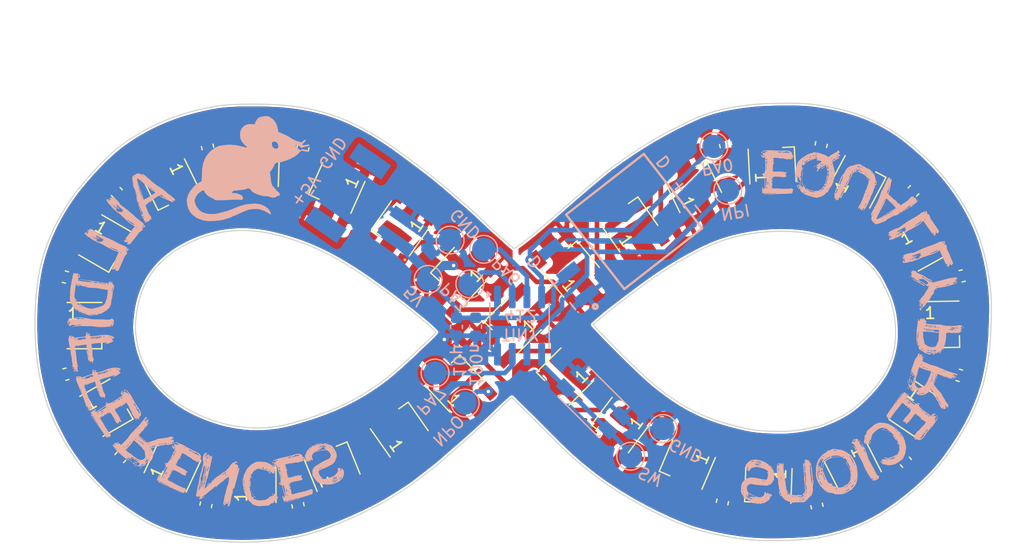
<source format=kicad_pcb>
(kicad_pcb (version 20240108) (generator "pcbnew") (generator_version "8.0")
  (layers (0 "F.Cu" signal) (31 "B.Cu" signal) (34 "B.Paste" user) (35 "F.Paste" user) (36 "B.SilkS" user "B.Silkscreen") (37 "F.SilkS" user "F.Silkscreen") (38 "B.Mask" user) (39 "F.Mask" user) (44 "Edge.Cuts" user))
  (net 0 "")
  (net 1 "GND")
  (net 2 "+5V")
  (net 3 "Net-(D1-DIN)")
  (net 4 "Net-(D1-DOUT)")
  (net 5 "Net-(D2-DOUT)")
  (net 6 "Net-(D3-DOUT)")
  (net 7 "Net-(D4-DOUT)")
  (net 8 "Net-(D5-DOUT)")
  (net 9 "Net-(D6-DOUT)")
  (net 10 "Net-(D7-DOUT)")
  (net 11 "Net-(D8-DOUT)")
  (net 12 "Net-(D10-DIN)")
  (net 13 "Net-(D10-DOUT)")
  (net 14 "Net-(D11-DOUT)")
  (net 15 "Net-(D12-DOUT)")
  (net 16 "Net-(D13-DOUT)")
  (net 17 "Net-(D14-DOUT)")
  (net 18 "Net-(D15-DOUT)")
  (net 19 "Net-(D16-DOUT)")
  (net 20 "Net-(D17-DOUT)")
  (net 21 "Net-(D18-DOUT)")
  (net 22 "Net-(D19-DOUT)")
  (net 23 "Net-(D20-DOUT)")
  (net 24 "Net-(D21-DOUT)")
  (net 25 "Net-(D22-DOUT)")
  (net 26 "Net-(D24-DOUT)")
  (net 27 "Net-(D25-DOUT)")
  (net 28 "Net-(D26-DOUT)")
  (net 29 "Net-(U1-PA2)")
  (net 30 "Net-(U1-PA3)")
  (net 31 "Net-(U1-PA6)")
  (net 32 "Net-(U1-PA7)")
  (net 33 "Net-(J1-Pin_3)")
  (net 34 "Net-(D23-DOUT)")
  (net 35 "Net-(D27-DOUT)")
  (footprint "Capacitor_SMD:C_0603_1608Metric" (layer "F.Cu") (at 42.451407 67.799415 -15)
    (property "Reference" "C13" (hide yes))
    (property "Value" "100nF" (hide yes))
  )
  (footprint "Capacitor_SMD:C_0603_1608Metric" (layer "F.Cu") (at 115.743205 60.347231 45.5)
    (property "Reference" "C6" (hide yes))
    (property "Value" "100nF" (hide yes))
  )
  (footprint "S2B_PH_SM4_TB:LED_WS2812B_PLCC4_5.0x5.0mm_P3.2mm" (layer "F.Cu") (at 58.9 58.4 -92)
    (property "Reference" "D18" (hide yes))
    (property "Value" "WS2812B")
  )
  (footprint "S2B_PH_SM4_TB:LED_WS2812B_PLCC4_5.0x5.0mm_P3.2mm" (layer "F.Cu") (at 44.1 72)
    (property "Reference" "D21" (hide yes))
    (property "Value" "WS2812B")
  )
  (footprint "S2B_PH_SM4_TB:LED_WS2812B_PLCC4_5.0x5.0mm_P3.2mm" (layer "F.Cu") (at 103.524038 58.139712 93)
    (property "Reference" "D4" (hide yes))
    (property "Value" "WS2812B")
  )
  (footprint "S2B_PH_SM4_TB:LED_WS2812B_PLCC4_5.0x5.0mm_P3.2mm" (layer "F.Cu") (at 71.4 63.6 -125)
    (property "Reference" "D16" (hide yes))
    (property "Value" "WS2812B")
  )
  (footprint "S2B_PH_SM4_TB:LED_WS2812B_PLCC4_5.0x5.0mm_P3.2mm" (layer "F.Cu") (at 110.5 84.2 -63)
    (property "Reference" "D9" (hide yes))
    (property "Value" "WS2812B")
  )
  (footprint "S2B_PH_SM4_TB:LED_WS2812B_PLCC4_5.0x5.0mm_P3.2mm" (layer "F.Cu") (at 96.7 60 116)
    (property "Reference" "D3" (hide yes))
    (property "Value" "WS2812B")
  )
  (footprint "S2B_PH_SM4_TB:LED_WS2812B_PLCC4_5.0x5.0mm_P3.2mm" (layer "F.Cu") (at 51.6 59.8 -64)
    (property "Reference" "D19" (hide yes))
    (property "Value" "WS2812B")
  )
  (footprint "S2B_PH_SM4_TB:LED_WS2812B_PLCC4_5.0x5.0mm_P3.2mm" (layer "F.Cu") (at 110.9 59.56215 62)
    (property "Reference" "D5" (hide yes))
    (property "Value" "WS2812B")
  )
  (footprint "Capacitor_SMD:C_0603_1608Metric" (layer "F.Cu") (at 107.767741 56.343371 77.5)
    (property "Reference" "C7" (hide yes))
    (property "Value" "100nF" (hide yes))
  )
  (footprint "S2B_PH_SM4_TB:LED_WS2812B_PLCC4_5.0x5.0mm_P3.2mm" (layer "F.Cu") (at 90.4 80.6 -127)
    (property "Reference" "D12" (hide yes))
    (property "Value" "WS2812B")
  )
  (footprint "S2B_PH_SM4_TB:LED_WS2812B_PLCC4_5.0x5.0mm_P3.2mm" (layer "F.Cu") (at 76.1 77 133)
    (property "Reference" "D27" (hide yes))
    (property "Value" "WS2812B")
  )
  (footprint "S2B_PH_SM4_TB:LED_WS2812B_PLCC4_5.0x5.0mm_P3.2mm" (layer "F.Cu") (at 46 79.1 30)
    (property "Reference" "D22" (hide yes))
    (property "Value" "WS2812B")
  )
  (footprint "S2B_PH_SM4_TB:LED_WS2812B_PLCC4_5.0x5.0mm_P3.2mm" (layer "F.Cu") (at 116 79.3 -34)
    (property "Reference" "D8" (hide yes))
    (property "Value" "WS2812B")
  )
  (footprint "S2B_PH_SM4_TB:LED_WS2812B_PLCC4_5.0x5.0mm_P3.2mm" (layer "F.Cu") (at 58.65 85.8 90)
    (property "Reference" "D24" (hide yes))
    (property "Value" "WS2812B")
  )
  (footprint "S2B_PH_SM4_TB:LED_WS2812B_PLCC4_5.0x5.0mm_P3.2mm" (layer "F.Cu") (at 103.2 85.8 -92)
    (property "Reference" "D10" (hide yes))
    (property "Value" "WS2812B")
  )
  (footprint "Capacitor_SMD:C_0603_1608Metric" (layer "F.Cu") (at 119.7 76.3 -16.5)
    (property "Reference" "C4" (hide yes))
    (property "Value" "100nF" (hide yes))
  )
  (footprint "Capacitor_SMD:C_0603_1608Metric" (layer "F.Cu") (at 62.552123 87.539239 101)
    (property "Reference" "C9" (hide yes))
    (property "Value" "100nF" (hide yes))
  )
  (footprint "Capacitor_SMD:C_0603_1608Metric" (layer "F.Cu") (at 54.6 87.5 77.5)
    (property "Reference" "C10" (hide yes))
    (property "Value" "100nF" (hide yes))
  )
  (footprint "Capacitor_SMD:C_0603_1608Metric" (layer "F.Cu") (at 107.4 87.6 -77.5)
    (property "Reference" "C18" (hide yes))
    (property "Value" "100nF" (hide yes))
  )
  (footprint "S2B_PH_SM4_TB:LED_WS2812B_PLCC4_5.0x5.0mm_P3.2mm" (layer "F.Cu") (at 71.3 81 125)
    (property "Reference" "D26" (hide yes))
    (property "Value" "WS2812B")
  )
  (footprint "S2B_PH_SM4_TB:LED_WS2812B_PLCC4_5.0x5.0mm_P3.2mm" (layer "F.Cu") (at 76.5 67.7 -133)
    (property "Reference" "D15" (hide yes))
    (property "Value" "WS2812B")
  )
  (footprint "Capacitor_SMD:C_0603_1608Metric" (layer "F.Cu") (at 46.9 60.5 -47)
    (property "Reference" "C14" (hide yes))
    (property "Value" "100nF" (hide yes))
  )
  (footprint "S2B_PH_SM4_TB:LED_WS2812B_PLCC4_5.0x5.0mm_P3.2mm" (layer "F.Cu") (at 51.7 84.2 65)
    (property "Reference" "D23" (hide yes))
    (property "Value" "WS2812B")
  )
  (footprint "S2B_PH_SM4_TB:LED_WS2812B_PLCC4_5.0x5.0mm_P3.2mm" (layer "F.Cu") (at 65.9 60.1 -114)
    (property "Reference" "D17" (hide yes))
    (property "Value" "WS2812B")
  )
  (footprint "S2B_PH_SM4_TB:LED_WS2812B_PLCC4_5.0x5.0mm_P3.2mm" (layer "F.Cu") (at 86.1 67.1 130)
    (property "Reference" "D1" (hide yes))
    (property "Value" "WS2812B")
  )
  (footprint "S2B_PH_SM4_TB:LED_WS2812B_PLCC4_5.0x5.0mm_P3.2mm" (layer "F.Cu") (at 65.5 84.2 112)
    (property "Reference" "D25" (hide yes))
    (property "Value" "WS2812B")
  )
  (footprint "S2B_PH_SM4_TB:LED_WS2812B_PLCC4_5.0x5.0mm_P3.2mm" (layer "F.Cu") (at 91.146338 63.246676 125)
    (property "Reference" "D2" (hide yes))
    (property "Value" "WS2812B")
  )
  (footprint "S2B_PH_SM4_TB:LED_WS2812B_PLCC4_5.0x5.0mm_P3.2mm" (layer "F.Cu") (at 96.2 84 -113)
    (property "Reference" "D11" (hide yes))
    (property "Value" "WS2812B")
  )
  (footprint "Capacitor_SMD:C_0603_1608Metric" (layer "F.Cu") (at 62.974337 56.644863 -103)
    (property "Reference" "C16" (hide yes))
    (property "Value" "100nF" (hide yes))
  )
  (footprint "Capacitor_SMD:C_0603_1608Metric" (layer "F.Cu") (at 42.5 76.2 15)
    (property "Reference" "C12" (hide yes))
    (property "Value" "100nF" (hide yes))
  )
  (footprint "S2B_PH_SM4_TB:LED_WS2812B_PLCC4_5.0x5.0mm_P3.2mm" (layer "F.Cu") (at 116.5 64.8 29)
    (property "Reference" "D6" (hide yes))
    (property "Value" "WS2812B")
  )
  (footprint "Capacitor_SMD:C_0603_1608Metric" (layer "F.Cu") (at 54.738868 56.541936 -78)
    (property "Reference" "C15" (hide yes))
    (property "Value" "100nF" (hide yes))
  )
  (footprint "S2B_PH_SM4_TB:LED_WS2812B_PLCC4_5.0x5.0mm_P3.2mm" (layer "F.Cu") (at 118.2 71.9 1)
    (property "Reference" "D7" (hide yes))
    (property "Value" "WS2812B")
  )
  (footprint "Capacitor_SMD:C_0603_1608Metric" (layer "F.Cu") (at 47.2 83.4 47.5)
    (property "Reference" "C11" (hide yes))
    (property "Value" "100nF" (hide yes))
  )
  (footprint "S2B_PH_SM4_TB:LED_WS2812B_PLCC4_5.0x5.0mm_P3.2mm" (layer "F.Cu") (at 45.9 64.9 -30)
    (property "Reference" "D20" (hide yes))
    (property "Value" "WS2812B")
  )
  (footprint "Capacitor_SMD:C_0603_1608Metric" (layer "F.Cu") (at 115.091554 83.8151 -48.5)
    (property "Reference" "C3" (hide yes))
    (property "Value" "100nF" (hide yes))
  )
  (footprint "Capacitor_SMD:C_0603_1608Metric" (layer "F.Cu") (at 119.948593 67.699415 15)
    (property "Reference" "C5" (hide yes))
    (property "Value" "100nF" (hide yes))
  )
  (footprint "Capacitor_SMD:C_0603_1608Metric" (layer "F.Cu") (at 99.505955 56.349686 104.5)
    (property "Reference" "C8" (hide yes))
    (property "Value" "100nF" (hide yes))
  )
  (footprint "Capacitor_SMD:C_0603_1608Metric" (layer "F.Cu") (at 99.232259 87.256629 -102.5)
    (property "Reference" "C17" (hide yes))
    (property "Value" "100nF" (hide yes))
  )
  (footprint "S2B_PH_SM4_TB:LED_WS2812B_PLCC4_5.0x5.0mm_P3.2mm" (layer "F.Cu") (at 81.1 72 -135)
    (property "Reference" "D14" (hide yes))
    (property "Value" "WS2812B")
  )
  (footprint "S2B_PH_SM4_TB:LED_WS2812B_PLCC4_5.0x5.0mm_P3.2mm" (layer "F.Cu") (at 85.634315 76.399138 -135)
    (property "Reference" "D13" (hide yes))
    (property "Value" "WS2812B")
  )
  (footprint "Capacitor_SMD:C_0603_1608Metric" (layer "B.Cu") (at 77.9 72.1 -90)
    (property "Reference" "C2" (hide yes))
    (property "Value" "100nF" (hide yes))
  )
  (footprint "logos:Mouse" (layer "B.Cu") (at 58.039 57.459977 -175)
    (property "Reference" "G***" (hide yes))
    (property "Value" "LOGO" (hide yes))
  )
  (footprint "TestPoint:TestPoint_Pad_D2.0mm" (layer "B.Cu") (at 74.4 76.1 180)
    (property "Reference" "TP7" (hide yes))
    (property "Value" "TestPoint_Small")
  )
  (footprint "Capacitor_SMD:C_0603_1608Metric" (layer "B.Cu") (at 76.25 72.1 -90)
    (property "Reference" "C1" (hide yes))
    (property "Value" "10µF" (hide yes))
  )
  (footprint "TestPoint:TestPoint_Pad_D2.0mm" (layer "B.Cu") (at 75.7 64.6 180)
    (property "Reference" "TP2" (hide yes))
    (property "Value" "TestPoint_Small")
  )
  (footprint "BG300_03_A_L_A:GCT_BG300-03-X-X-A_REVC" (layer "B.Cu") (at 90.05 64.2 128)
    (property "Reference" "J1" (hide yes))
    (property "Value" "Conn_01x03_Socket")
  )
  (footprint "Button_Switch_SMD:SW_SPST_EVQP2" (layer "B.Cu") (at 88.1 78.6 -45)
    (property "Reference" "SW1" (hide yes))
    (property "Value" "SW_Push")
  )
  (footprint "TestPoint:TestPoint_Pad_D2.0mm" (layer "B.Cu") (at 99.7 60.3 180)
    (property "Reference" "TP3" (hide yes))
    (property "Value" "TestPoint_Small")
  )
  (footprint "TestPoint:TestPoint_Pad_D2.0mm" (layer "B.Cu") (at 98.5 56.5 180)
    (property "Reference" "TP4" (hide yes))
    (property "Value" "TestPoint_Small")
  )
  (footprint "TestPoint:TestPoint_Pad_D2.0mm" (layer "B.Cu") (at 78.6 65.4 180)
    (property "Reference" "TP10" (hide yes))
    (property "Value" "TestPoint_Small")
  )
  (footprint "TestPoint:TestPoint_Pad_D2.0mm" (layer "B.Cu") (at 77.4 68.4 180)
    (property "Reference" "TP8" (hide yes))
    (property "Value" "TestPoint_Small")
  )
  (footprint "TestPoint:TestPoint_Pad_D2.0mm" (layer "B.Cu") (at 94.1 80.9 180)
    (property "Reference" "TP6" (hide yes))
    (property "Value" "TestPoint_Small")
  )
  (footprint "TestPoint:TestPoint_Pad_D2.0mm" (layer "B.Cu") (at 91.3 83.3 180)
    (property "Reference" "TP5" (hide yes))
    (property "Value" "TestPoint_Small")
  )
  (footprint "Package_SO:SOIC-8_3.9x4.9mm_P1.27mm" (layer "B.Cu") (at 81.7 72 -90)
    (property "Reference" "U1" (hide yes))
    (property "Value" "ATtiny412-SS")
  )
  (footprint "TestPoint:TestPoint_Pad_D2.0mm" (layer "B.Cu") (at 77 78.7 180)
    (property "Reference" "TP9" (hide yes))
    (property "Value" "TestPoint_Small")
  )
  (footprint "TestPoint:TestPoint_Pad_D2.0mm" (layer "B.Cu") (at 73.8 68 180)
    (property "Reference" "TP1" (hide yes))
    (property "Value" "TestPoint_Small")
  )
  (footprint "S2B_PH_SM4_TB:JST_S2B-PH-SM4-TB" (layer "B.Cu") (at 71.569426 63.829215 -125)
    (property "Reference" "P1" (hide yes))
    (property "Value" "S2B-PH-SM4-TB")
  )
  (gr_poly (pts (xy 106.176698 58.339245) (xy 106.174317 58.346679) (xy 106.172157 58.354065) (xy 106.170254 58.361416) (xy 106.168643 58.368742) (xy 106.167361 58.376056) (xy 106.166443 58.383369) (xy 106.165925 58.390694) (xy 106.165842 58.398042) (xy 106.166231 58.405424) (xy 106.167127 58.412854) (xy 106.168567 58.420341) (xy 106.170585 58.427899) (xy 106.173218 58.43554) (xy 106.176501 58.443273) (xy 106.177417 58.444669) (xy 106.178176 58.446138) (xy 106.178785 58.447677) (xy 106.179249 58.449286) (xy 106.179575 58.45096) (xy 106.179767 58.452699) (xy 106.179833 58.4545) (xy 106.179777 58.456361) (xy 106.179324 58.460252) (xy 106.178456 58.464356) (xy 106.17722 58.468653) (xy 106.175661 58.473127) (xy 106.173827 58.47776) (xy 106.171764 58.482533) (xy 106.167138 58.492429) (xy 106.157191 58.513121) (xy 106.159235 58.515008) (xy 106.161024 58.517564) (xy 106.162565 58.520744) (xy 106.163864 58.524503) (xy 106.164927 58.528796) (xy 106.16576 58.53358) (xy 106.166761 58.54444) (xy 106.166916 58.556726) (xy 106.166273 58.570081) (xy 106.16488 58.584148) (xy 106.162786 58.598573) (xy 106.160039 58.612997) (xy 106.156689 58.627064) (xy 106.152783 58.640419) (xy 106.14837 58.652704) (xy 106.143499 58.663563) (xy 106.140907 58.668346) (xy 106.138218 58.672639) (xy 106.135439 58.676398) (xy 106.132576 58.679577) (xy 106.129634 58.682132) (xy 106.12662 58.684019) (xy 106.147861 58.712988) (xy 106.147389 58.715419) (xy 106.146714 58.717995) (xy 106.145857 58.720694) (xy 106.14484 58.723494) (xy 106.143685 58.726373) (xy 106.142415 58.72931) (xy 106.139617 58.73527) (xy 106.136623 58.741201) (xy 106.133611 58.746929) (xy 106.128238 58.757078) (xy 106.132419 58.757612) (xy 106.091228 59.025396) (xy 106.09769 59.261961) (xy 106.097674 59.262068) (xy 106.098783 59.260243) (xy 106.099932 59.258451) (xy 106.102325 59.254962) (xy 106.104812 59.2516) (xy 106.107347 59.248365) (xy 106.109888 59.245257) (xy 106.11239 59.242274) (xy 106.117105 59.236684) (xy 106.119229 59.234075) (xy 106.12114 59.231591) (xy 106.122794 59.22923) (xy 106.123511 59.228096) (xy 106.124147 59.226992) (xy 106.124697 59.225919) (xy 106.125155 59.224876) (xy 106.125516 59.223864) (xy 106.125775 59.222883) (xy 106.125925 59.221931) (xy 106.125963 59.22101) (xy 106.125881 59.22012) (xy 106.125674 59.219259) (xy 106.122539 59.201058) (xy 106.120334 59.182893) (xy 106.118991 59.164748) (xy 106.118445 59.146606) (xy 106.118628 59.128451) (xy 106.119475 59.110267) (xy 106.120919 59.092036) (xy 106.122893 59.073742) (xy 106.128167 59.0369) (xy 106.134764 58.99961) (xy 106.149798 58.923155) (xy 106.153924 58.904566) (xy 106.157415 58.88598) (xy 106.16034 58.867407) (xy 106.162765 58.848858) (xy 106.166389 58.811871) (xy 106.168824 58.775103) (xy 106.172288 58.702555) (xy 106.174395 58.666942) (xy 106.17747 58.63188) (xy 106.187361 58.566743) (xy 106.196221 58.503055) (xy 106.20002 58.471716) (xy 106.203268 58.440695) (xy 106.205867 58.409976) (xy 106.207721 58.379545) (xy 106.20797 58.377601) (xy 106.208118 58.375688) (xy 106.208166 58.373806) (xy 106.20812 58.371952) (xy 106.207981 58.370125) (xy 106.207754 58.368323) (xy 106.207441 58.366543) (xy 106.207047 58.364785) (xy 106.206575 58.363046) (xy 106.206028 58.361325) (xy 106.204723 58.357927) (xy 106.203159 58.354578) (xy 106.201365 58.351262) (xy 106.199367 58.347965) (xy 106.197192 58.344672) (xy 106.194869 58.341369) (xy 106.192425 58.338041) (xy 106.181979 58.324186)) (stroke (width -0.000001)) (fill solid) (layer "B.SilkS"))
  (gr_poly (pts (xy 44.580578 63.636543) (xy 44.573474 63.637625) (xy 44.567083 63.638966) (xy 44.564161 63.639744) (xy 44.561423 63.640601) (xy 44.558874 63.641539) (xy 44.556514 63.642565) (xy 44.554346 63.643681) (xy 44.552372 63.644894) (xy 44.550595 63.646206) (xy 44.549016 63.647622) (xy 44.547639 63.649148) (xy 44.546466 63.650786) (xy 44.545498 63.652542) (xy 44.544738 63.65442) (xy 44.544189 63.656424) (xy 44.543852 63.658559) (xy 44.54373 63.660829) (xy 44.543826 63.663239) (xy 44.544141 63.665792) (xy 44.544677 63.668494) (xy 44.545438 63.671349) (xy 44.546426 63.674361) (xy 44.547642 63.677534) (xy 44.549089 63.680874) (xy 44.550769 63.684384) (xy 44.552685 63.688068) (xy 44.554839 63.691932) (xy 44.557233 63.69598) (xy 44.557366 63.697775) (xy 44.557585 63.699622) (xy 44.558261 63.703514) (xy 44.55922 63.707747) (xy 44.560422 63.712411) (xy 44.563395 63.7234) (xy 44.565087 63.729907) (xy 44.566861 63.737209) (xy 44.47865 63.716945) (xy 44.497388 63.674312) (xy 44.490424 63.676346) (xy 44.483541 63.678213) (xy 44.47002 63.681498) (xy 44.45683 63.684279) (xy 44.443976 63.686666) (xy 44.396024 63.694499) (xy 44.40125 63.70011) (xy 44.406388 63.705411) (xy 44.416299 63.715259) (xy 44.425552 63.724384) (xy 44.429867 63.728784) (xy 44.433942 63.733132) (xy 44.437749 63.737471) (xy 44.441265 63.741844) (xy 44.444462 63.746294) (xy 44.445934 63.748561) (xy 44.447316 63.750863) (xy 44.448606 63.753207) (xy 44.449801 63.755596) (xy 44.450897 63.758036) (xy 44.451891 63.760534) (xy 44.45278 63.763093) (xy 44.453561 63.76572) (xy 44.454231 63.76842) (xy 44.454785 63.771198) (xy 44.455365 63.773673) (xy 44.455798 63.776188) (xy 44.456091 63.778739) (xy 44.456251 63.781325) (xy 44.456199 63.786592) (xy 44.455698 63.791974) (xy 44.454802 63.797452) (xy 44.453565 63.803011) (xy 44.452043 63.808635) (xy 44.45029 63.814306) (xy 44.44631 63.825724) (xy 44.442063 63.837133) (xy 44.437988 63.8484) (xy 44.436151 63.85394) (xy 44.434522 63.859394) (xy 44.433992 63.859574) (xy 44.433452 63.859723) (xy 44.432902 63.859844) (xy 44.432345 63.859937) (xy 44.431783 63.860004) (xy 44.431217 63.860047) (xy 44.430649 63.860068) (xy 44.430082 63.860068) (xy 44.429516 63.860049) (xy 44.428954 63.860012) (xy 44.427848 63.859892) (xy 44.426778 63.859722) (xy 44.425759 63.859514) (xy 44.424806 63.859281) (xy 44.423933 63.859037) (xy 44.423154 63.858795) (xy 44.422484 63.858567) (xy 44.421529 63.858209) (xy 44.421185 63.858066) (xy 44.422513 63.770809) (xy 44.42086 63.768401) (xy 44.418986 63.766005) (xy 44.41689 63.763621) (xy 44.414573 63.761248) (xy 44.412035 63.758886) (xy 44.409275 63.756535) (xy 44.406293 63.754195) (xy 44.40309 63.751867) (xy 44.399666 63.749549) (xy 44.39602 63.747242) (xy 44.392152 63.744946) (xy 44.388063 63.74266) (xy 44.383752 63.740385) (xy 44.379219 63.738121) (xy 44.374465 63.735867) (xy 44.369489 63.733623) (xy 44.367104 63.735228) (xy 44.364767 63.736955) (xy 44.362474 63.738798) (xy 44.360223 63.740746) (xy 44.358008 63.742793) (xy 44.355829 63.74493) (xy 44.353681 63.747149) (xy 44.351561 63.749441) (xy 44.347395 63.754212) (xy 44.343304 63.759179) (xy 44.339263 63.764275) (xy 44.335248 63.769435) (xy 44.336849 63.769678) (xy 44.338425 63.769858) (xy 44.339976 63.769978) (xy 44.341504 63.770041) (xy 44.343008 63.770049) (xy 44.344488 63.770006) (xy 44.347383 63.769776) (xy 44.350191 63.769373) (xy 44.352916 63.768819) (xy 44.355562 63.768135) (xy 44.358134 63.767344) (xy 44.360635 63.766468) (xy 44.363069 63.765528) (xy 44.36775 63.763548) (xy 44.372209 63.76158) (xy 44.376477 63.759799) (xy 44.37916 63.772483) (xy 44.381646 63.783888) (xy 44.383985 63.794145) (xy 44.386229 63.803385) (xy 44.388428 63.81174) (xy 44.390633 63.819339) (xy 44.392893 63.826315) (xy 44.395261 63.832797) (xy 44.322507 63.819477) (xy 44.323192 63.823899) (xy 44.324073 63.827992) (xy 44.325143 63.831773) (xy 44.326394 63.835254) (xy 44.327816 63.838453) (xy 44.329402 63.841383) (xy 44.331144 63.844059) (xy 44.333033 63.846498) (xy 44.33506 63.848712) (xy 44.337218 63.850718) (xy 44.339498 63.852531) (xy 44.341893 63.854165) (xy 44.344393 63.855636) (xy 44.34699 63.856958) (xy 44.352445 63.859217) (xy 44.358189 63.861062) (xy 44.364158 63.862612) (xy 44.376503 63.865309) (xy 44.382747 63.866696) (xy 44.388949 63.868268) (xy 44.395045 63.870145) (xy 44.400968 63.872447) (xy 44.482358 63.908229) (xy 44.47215 63.931484) (xy 44.414014 63.905925) (xy 44.41236 63.914085) (xy 44.410818 63.922728) (xy 44.407706 63.941303) (xy 44.405956 63.951155) (xy 44.403957 63.961331) (xy 44.401617 63.971791) (xy 44.398847 63.982494) (xy 44.396201 63.981792) (xy 44.393668 63.981194) (xy 44.391245 63.980696) (xy 44.388929 63.980296) (xy 44.386717 63.979993) (xy 44.384604 63.979784) (xy 44.382589 63.979666) (xy 44.380668 63.979638) (xy 44.378837 63.979697) (xy 44.377093 63.979841) (xy 44.375433 63.980067) (xy 44.373854 63.980374) (xy 44.372352 63.980759) (xy 44.370925 63.981219) (xy 44.369568 63.981753) (xy 44.368279 63.982358) (xy 44.367055 63.983033) (xy 44.365892 63.983774) (xy 44.364787 63.984579) (xy 44.363736 63.985447) (xy 44.362737 63.986374) (xy 44.361787 63.987359) (xy 44.360881 63.9884) (xy 44.360017 63.989493) (xy 44.359191 63.990638) (xy 44.358401 63.991831) (xy 44.356912 63.994353) (xy 44.355526 63.997043) (xy 44.354215 63.999881) (xy 44.353025 64.002826) (xy 44.351992 64.005846) (xy 44.351091 64.008938) (xy 44.350295 64.012097) (xy 44.34892 64.018599) (xy 44.347667 64.025318) (xy 44.346332 64.032218) (xy 44.345572 64.035725) (xy 44.344715 64.039265) (xy 44.343738 64.042832) (xy 44.342614 64.046424) (xy 44.341318 64.050035) (xy 44.339826 64.053661) (xy 44.338761 64.055841) (xy 44.337487 64.058003) (xy 44.336016 64.060121) (xy 44.33436 64.062165) (xy 44.332532 64.064106) (xy 44.330545 64.065917) (xy 44.328411 64.067569) (xy 44.326142 64.069033) (xy 44.324961 64.069686) (xy 44.323752 64.070281) (xy 44.322515 64.070815) (xy 44.321252 64.071284) (xy 44.319964 64.071686) (xy 44.318655 64.072015) (xy 44.317324 64.072269) (xy 44.315973 64.072444) (xy 44.314605 64.072536) (xy 44.31322 64.072543) (xy 44.31182 64.07246) (xy 44.310407 64.072283) (xy 44.308983 64.07201) (xy 44.307548 64.071637) (xy 44.306104 64.07116) (xy 44.304654 64.070575) (xy 44.30623 64.066329) (xy 44.307155 64.062302) (xy 44.307478 64.058475) (xy 44.307249 64.054833) (xy 44.306516 64.051359) (xy 44.305327 64.048037) (xy 44.303733 64.044849) (xy 44.30178 64.041779) (xy 44.299519 64.03881) (xy 44.296999 64.035927) (xy 44.291372 64.030346) (xy 44.279147 64.019471) (xy 44.273329 64.013908) (xy 44.270665 64.011038) (xy 44.268229 64.008086) (xy 44.26607 64.005035) (xy 44.264236 64.00187) (xy 44.262777 63.998572) (xy 44.261741 63.995127) (xy 44.261177 63.991516) (xy 44.261134 63.987724) (xy 44.261661 63.983733) (xy 44.262806 63.979528) (xy 44.264619 63.975091) (xy 44.267148 63.970405) (xy 44.270441 63.965455) (xy 44.274548 63.960224) (xy 44.331906 64.008563) (xy 44.337506 64.006442) (xy 44.336024 63.999828) (xy 44.334385 63.99334) (xy 44.332602 63.986964) (xy 44.330688 63.980687) (xy 44.326519 63.968369) (xy 44.321984 63.956269) (xy 44.302274 63.907726) (xy 44.302585 63.91122) (xy 44.302456 63.914319) (xy 44.301913 63.917046) (xy 44.300982 63.919427) (xy 44.299687 63.921486) (xy 44.298055 63.923248) (xy 44.296111 63.924738) (xy 44.29388 63.925981) (xy 44.291389 63.927) (xy 44.288662 63.927822) (xy 44.285725 63.92847) (xy 44.282603 63.92897) (xy 44.27591 63.929623) (xy 44.268784 63.929979) (xy 44.254057 63.930591) (xy 44.246863 63.931243) (xy 44.240055 63.932389) (xy 44.236859 63.93321) (xy 44.233836 63.934228) (xy 44.231012 63.935469) (xy 44.228412 63.936958) (xy 44.226061 63.938718) (xy 44.223985 63.940776) (xy 44.22221 63.943155) (xy 44.220761 63.94588) (xy 44.220153 63.947354) (xy 44.219637 63.948867) (xy 44.219214 63.950419) (xy 44.218883 63.952012) (xy 44.218645 63.953644) (xy 44.218499 63.955317) (xy 44.218445 63.957029) (xy 44.218484 63.958782) (xy 44.218614 63.960574) (xy 44.218836 63.962407) (xy 44.218905 63.962815) (xy 44.205945 63.916286) (xy 44.185346 63.9211) (xy 44.1848 63.926256) (xy 44.184111 63.931618) (xy 44.183293 63.93703) (xy 44.182361 63.942337) (xy 44.181327 63.947381) (xy 44.180206 63.952008) (xy 44.179618 63.954116) (xy 44.179013 63.956061) (xy 44.178394 63.957824) (xy 44.177762 63.959384) (xy 44.175282 63.960844) (xy 44.172674 63.962146) (xy 44.169954 63.963303) (xy 44.167136 63.964328) (xy 44.164235 63.965235) (xy 44.161264 63.966036) (xy 44.158239 63.966746) (xy 44.155173 63.967377) (xy 44.14898 63.968456) (xy 44.142801 63.96938) (xy 44.136752 63.970255) (xy 44.130948 63.971187) (xy 44.128491 63.973232) (xy 44.126257 63.975549) (xy 44.124244 63.978118) (xy 44.122449 63.980922) (xy 44.12087 63.983943) (xy 44.119505 63.987163) (xy 44.118351 63.990565) (xy 44.117407 63.994129) (xy 44.11667 63.997839) (xy 44.116138 64.001676) (xy 44.115808 64.005623) (xy 44.115678 64.009661) (xy 44.115746 64.013772) (xy 44.11601 64.01794) (xy 44.116468 64.022144) (xy 44.117116 64.026369) (xy 44.117953 64.030595) (xy 44.118977 64.034805) (xy 44.120185 64.03898) (xy 44.121575 64.043104) (xy 44.123145 64.047158) (xy 44.124892 64.051124) (xy 44.126814 64.054983) (xy 44.12891 64.058719) (xy 44.131175 64.062314) (xy 44.13361 64.065748) (xy 44.13621 64.069005) (xy 44.138974 64.072066) (xy 44.1419 64.074914) (xy 44.144985 64.07753) (xy 44.148227 64.079897) (xy 44.151624 64.081996) (xy 44.161871 64.08978) (xy 44.1719 64.097198) (xy 44.181696 64.104404) (xy 44.191245 64.111556) (xy 44.200531 64.118808) (xy 44.205071 64.122521) (xy 44.20954 64.126318) (xy 44.213936 64.130218) (xy 44.218257 64.134242) (xy 44.222501 64.138407) (xy 44.226666 64.142734) (xy 44.248629 64.171138) (xy 44.267135 64.194338) (xy 44.27567 64.204444) (xy 44.284034 64.213797) (xy 44.292459 64.22258) (xy 44.301175 64.230977) (xy 44.310414 64.239171) (xy 44.320408 64.247344) (xy 44.331386 64.255678) (xy 44.343581 64.264358) (xy 44.357223 64.273566) (xy 44.372544 64.283485) (xy 44.409146 64.306186) (xy 44.408745 64.306979) (xy 44.408193 64.307896) (xy 44.40751 64.30892) (xy 44.406719 64.310032) (xy 44.404901 64.312451) (xy 44.402913 64.315012) (xy 44.400931 64.317575) (xy 44.39913 64.319997) (xy 44.398352 64.321112) (xy 44.397685 64.322138) (xy 44.397151 64.323059) (xy 44.396771 64.323856) (xy 44.411983 64.326483) (xy 44.426823 64.32951) (xy 44.441302 64.332959) (xy 44.455427 64.336857) (xy 44.46921 64.341227) (xy 44.482659 64.346094) (xy 44.495784 64.351482) (xy 44.508595 64.357417) (xy 44.521102 64.363921) (xy 44.533313 64.37102) (xy 44.545239 64.378739) (xy 44.556889 64.387101) (xy 44.568272 64.396132) (xy 44.579398 64.405855) (xy 44.590277 64.416296) (xy 44.600919 64.427478) (xy 44.600989 64.428362) (xy 44.601114 64.429242) (xy 44.601291 64.430118) (xy 44.60152 64.43099) (xy 44.601799 64.431857) (xy 44.602126 64.432718) (xy 44.6025 64.433573) (xy 44.602919 64.434421) (xy 44.60389 64.436093) (xy 44.605025 64.437729) (xy 44.606314 64.439325) (xy 44.607745 64.440875) (xy 44.609307 64.442375) (xy 44.610988 64.443818) (xy 44.612777 64.445201) (xy 44.614662 64.446518) (xy 44.616632 64.447763) (xy 44.618676 64.448933) (xy 44.620781 64.450021) (xy 44.622937 64.451023) (xy 44.67434 64.487425) (xy 44.727725 64.524261) (xy 44.78216 64.560691) (xy 44.80948 64.578491) (xy 44.836713 64.595874) (xy 44.848249 64.603284) (xy 44.860047 64.610329) (xy 44.872079 64.617056) (xy 44.884318 64.623515) (xy 44.9093 64.635823) (xy 44.934768 64.647641) (xy 44.986262 64.671361) (xy 45.011838 64.684042) (xy 45.024485 64.690757) (xy 45.037 64.697788) (xy 45.200711 64.788242) (xy 45.221131 64.797003) (xy 45.241664 64.80538) (xy 45.262265 64.813353) (xy 45.282889 64.820903) (xy 45.303492 64.82801) (xy 45.324026 64.834653) (xy 45.344448 64.840812) (xy 45.364713 64.846469) (xy 45.407346 64.8652) (xy 45.626065 64.956729) (xy 45.637599 64.96188) (xy 45.643205 64.964516) (xy 45.648616 64.967227) (xy 45.651228 64.96862) (xy 45.653766 64.970041) (xy 45.656222 64.971493) (xy 45.658589 64.972981) (xy 45.660857 64.974508) (xy 45.663018 64.976076) (xy 45.665065 64.977689) (xy 45.666989 64.979351) (xy 45.703771 65.002523) (xy 45.721248 65.013844) (xy 45.73821 65.025103) (xy 45.754728 65.036384) (xy 45.770874 65.047774) (xy 45.78672 65.059356) (xy 45.802335 65.071216) (xy 45.876904 65.122493) (xy 45.880167 65.122959) (xy 45.883502 65.123281) (xy 45.890346 65.123636) (xy 45.897362 65.12385) (xy 45.904475 65.124216) (xy 45.908045 65.124546) (xy 45.911611 65.125023) (xy 45.915163 65.125685) (xy 45.918693 65.126566) (xy 45.922191 65.127704) (xy 45.925648 65.129135) (xy 45.927358 65.129972) (xy 45.929054 65.130895) (xy 45.930736 65.13191) (xy 45.932401 65.133022) (xy 46.299024 65.340434) (xy 46.307271 65.345585) (xy 46.315828 65.350493) (xy 46.324664 65.355199) (xy 46.333746 65.359742) (xy 46.352528 65.368505) (xy 46.371922 65.377104) (xy 46.39168 65.385863) (xy 46.411552 65.395105) (xy 46.421452 65.400009) (xy 46.431287 65.405154) (xy 46.441025 65.410581) (xy 46.450635 65.416332) (xy 46.470541 65.428126) (xy 46.490653 65.439205) (xy 46.510948 65.44962) (xy 46.531405 65.459422) (xy 46.552001 65.468661) (xy 46.572712 65.477389) (xy 46.614394 65.493517) (xy 46.656271 65.508214) (xy 46.698164 65.52189) (xy 46.781278 65.547809) (xy 46.814522 65.55854) (xy 46.847819 65.568535) (xy 46.881264 65.577945) (xy 46.914954 65.58692) (xy 46.983454 65.604171) (xy 47.054089 65.621494) (xy 46.528317 66.870143) (xy 46.557013 66.875887) (xy 46.585544 66.881997) (xy 46.599698 66.885302) (xy 46.613751 66.888834) (xy 46.627684 66.892639) (xy 46.641477 66.896762) (xy 46.617642 66.951015) (xy 46.612058 66.953128) (xy 46.611186 66.947723) (xy 46.610552 66.942638) (xy 46.610335 66.940153) (xy 46.610189 66.937673) (xy 46.61012 66.935171) (xy 46.610131 66.932624) (xy 46.610227 66.930006) (xy 46.610412 66.927291) (xy 46.610691 66.924455) (xy 46.611066 66.921472) (xy 46.611544 66.918316) (xy 46.612127 66.914964) (xy 46.612821 66.911389) (xy 46.613629 66.907566) (xy 46.551495 66.954235) (xy 46.554173 66.959853) (xy 46.556694 66.9656) (xy 46.559071 66.971458) (xy 46.561317 66.977415) (xy 46.565469 66.989565) (xy 46.569255 67.001933) (xy 46.582837 67.05125) (xy 46.582656 67.051612) (xy 46.582432 67.051952) (xy 46.582167 67.052272) (xy 46.581863 67.05257) (xy 46.581524 67.052849) (xy 46.581152 67.053107) (xy 46.580749 67.053346) (xy 46.580317 67.053565) (xy 46.579378 67.053946) (xy 46.578355 67.054255) (xy 46.577267 67.054492) (xy 46.576135 67.054662) (xy 46.574977 67.054767) (xy 46.573813 67.054808) (xy 46.572663 67.05479) (xy 46.571546 67.054715) (xy 46.570483 67.054586) (xy 46.569492 67.054404) (xy 46.568594 67.054174) (xy 46.567807 67.053897) (xy 46.560977 67.041807) (xy 46.554379 67.029062) (xy 46.547928 67.015732) (xy 46.541541 67.001889) (xy 46.528615 66.972943) (xy 46.51492 66.94279) (xy 46.499366 66.986236) (xy 46.492179 67.006919) (xy 46.485448 67.026936) (xy 46.479217 67.046307) (xy 46.473533 67.065051) (xy 46.46844 67.083189) (xy 46.463986 67.100742) (xy 46.491149 67.116216) (xy 46.504361 67.123928) (xy 46.517421 67.131737) (xy 46.5304 67.139728) (xy 46.543369 67.147986) (xy 46.556399 67.156597) (xy 46.569562 67.165645) (xy 46.571645 67.163475) (xy 46.573496 67.161109) (xy 46.575138 67.158573) (xy 46.576593 67.155893) (xy 46.577883 67.153092) (xy 46.579032 67.150198) (xy 46.580997 67.144227) (xy 46.584234 67.132263) (xy 46.585869 67.126674) (xy 46.58677 67.124067) (xy 46.587758 67.121618) (xy 46.588855 67.119352) (xy 46.590084 67.117295) (xy 46.591467 67.115471) (xy 46.593028 67.113907) (xy 46.594789 67.112628) (xy 46.596772 67.111658) (xy 46.599002 67.111023) (xy 46.6015 67.110748) (xy 46.604289 67.110858) (xy 46.607392 67.11138) (xy 46.610831 67.112337) (xy 46.614631 67.113755) (xy 46.618812 67.11566) (xy 46.623399 67.118076) (xy 46.628413 67.12103) (xy 46.633878 67.124546) (xy 46.62978 67.124479) (xy 46.626015 67.124552) (xy 46.62255 67.124746) (xy 46.619355 67.125039) (xy 46.616397 67.125409) (xy 46.613645 67.125836) (xy 46.608632 67.126776) (xy 46.604062 67.12769) (xy 46.601865 67.128084) (xy 46.599683 67.128409) (xy 46.597485 67.128643) (xy 46.59524 67.128765) (xy 46.592916 67.128754) (xy 46.590482 67.128589) (xy 46.59034 67.128972) (xy 46.590232 67.129394) (xy 46.590156 67.129852) (xy 46.590109 67.130343) (xy 46.59009 67.130864) (xy 46.590096 67.13141) (xy 46.59018 67.132566) (xy 46.590343 67.133786) (xy 46.590573 67.135041) (xy 46.590852 67.136306) (xy 46.591166 67.137552) (xy 46.591501 67.138753) (xy 46.59184 67.139881) (xy 46.592471 67.141813) (xy 46.593121 67.143619) (xy 46.605048 67.143647) (xy 46.616722 67.143511) (xy 46.628253 67.143206) (xy 46.639752 67.142724) (xy 46.651332 67.142062) (xy 46.663104 67.141214) (xy 46.675177 67.140173) (xy 46.687665 67.138935) (xy 46.688701 67.132649) (xy 46.689574 67.126615) (xy 46.690274 67.120722) (xy 46.690793 67.114859) (xy 46.691123 67.108916) (xy 46.691257 67.102782) (xy 46.691185 67.096345) (xy 46.6909 67.089496) (xy 46.704236 67.090816) (xy 46.705074 67.094599) (xy 46.705785 67.098238) (xy 46.706384 67.101761) (xy 46.706886 67.105194) (xy 46.70766 67.111899) (xy 46.708232 67.11857) (xy 46.709255 67.132676) (xy 46.709951 67.140543) (xy 46.710935 67.149242) (xy 46.726987 67.132438) (xy 46.742762 67.11627) (xy 46.758299 67.100648) (xy 46.773637 67.085479) (xy 46.803876 67.056141) (xy 46.833798 67.02753) (xy 46.84541 67.032634) (xy 46.835083 67.048706) (xy 46.825195 67.064645) (xy 46.815659 67.080522) (xy 46.80639 67.096408) (xy 46.788311 67.128492) (xy 46.770276 67.161464) (xy 46.832288 67.188716) (xy 46.824016 67.193146) (xy 46.816984 67.197091) (xy 46.810866 67.200678) (xy 46.805335 67.204035) (xy 46.79473 67.210572) (xy 46.789004 67.214007) (xy 46.782559 67.217723) (xy 46.784685 67.228662) (xy 46.787007 67.239035) (xy 46.79173 67.258732) (xy 46.793876 67.26838) (xy 46.795709 67.278111) (xy 46.796468 67.283057) (xy 46.797101 67.288085) (xy 46.797592 67.293214) (xy 46.797925 67.298465) (xy 46.80603 67.295293) (xy 46.813585 67.292261) (xy 46.820565 67.289303) (xy 46.823831 67.287832) (xy 46.826945 67.286354) (xy 46.829903 67.284863) (xy 46.832701 67.283349) (xy 46.835338 67.281804) (xy 46.837808 67.280221) (xy 46.840111 67.27859) (xy 46.842241 67.276904) (xy 46.844197 67.275155) (xy 46.845975 67.273334) (xy 46.847202 67.273411) (xy 46.848383 67.273418) (xy 46.849523 67.273357) (xy 46.850625 67.273233) (xy 46.851692 67.273049) (xy 46.852727 67.272811) (xy 46.853734 67.272521) (xy 46.854716 67.272184) (xy 46.855677 67.271804) (xy 46.856619 67.271384) (xy 46.858461 67.270443) (xy 46.86027 67.269393) (xy 46.862073 67.268265) (xy 46.865765 67.265906) (xy 46.867707 67.264738) (xy 46.86975 67.263621) (xy 46.871919 67.262586) (xy 46.87306 67.26211) (xy 46.874242 67.261666) (xy 46.875469 67.261258) (xy 46.876744 67.260891) (xy 46.878071 67.260569) (xy 46.879453 67.260295) (xy 46.886581 67.256345) (xy 46.893956 67.252447) (xy 46.897651 67.250599) (xy 46.901304 67.24886) (xy 46.904881 67.247264) (xy 46.908347 67.245842) (xy 46.911668 67.244628) (xy 46.91481 67.243652) (xy 46.917738 67.242947) (xy 46.919111 67.242707) (xy 46.920417 67.242547) (xy 46.921653 67.24247) (xy 46.922814 67.242482) (xy 46.923895 67.242585) (xy 46.924893 67.242785) (xy 46.925802 67.243085) (xy 46.92662 67.243488) (xy 46.927341 67.244) (xy 46.92796 67.244625) (xy 46.934157 67.249644) (xy 46.940135 67.25397) (xy 46.945897 67.257633) (xy 46.951449 67.260662) (xy 46.956796 67.263085) (xy 46.961944 67.264933) (xy 46.966896 67.266235) (xy 46.971657 67.26702) (xy 46.976234 67.267316) (xy 46.98063 67.267154) (xy 46.984851 67.266563) (xy 46.988901 67.265572) (xy 46.992786 67.264209) (xy 46.996511 67.262505) (xy 47.000079 67.260489) (xy 47.003497 67.25819) (xy 47.006769 67.255636) (xy 47.0099 67.252859) (xy 47.012896 67.249886) (xy 47.01576 67.246746) (xy 47.021116 67.240087) (xy 47.026007 67.233115) (xy 47.030473 67.226063) (xy 47.034553 67.219167) (xy 47.041715 67.206775) (xy 47.056338 67.183916) (xy 47.069911 67.160864) (xy 47.082627 67.137544) (xy 47.094684 67.113878) (xy 47.106276 67.089791) (xy 47.1176 67.065206) (xy 47.140225 67.01424) (xy 47.455396 66.29729) (xy 47.480053 66.231831) (xy 47.50435 66.166213) (xy 47.529373 66.100913) (xy 47.542497 66.068532) (xy 47.55621 66.036411) (xy 47.557055 66.034614) (xy 47.557986 66.032854) (xy 47.559 66.031129) (xy 47.560094 66.029436) (xy 47.562501 66.026136) (xy 47.565177 66.022934) (xy 47.56809 66.019809) (xy 47.571209 66.016741) (xy 47.574501 66.013708) (xy 47.577935 66.01069) (xy 47.592461 65.998358) (xy 47.596132 65.995106) (xy 47.599755 65.991745) (xy 47.603299 65.988255) (xy 47.606732 65.984615) (xy 47.61217 65.976548) (xy 47.617883 65.968501) (xy 47.629991 65.952428) (xy 47.642764 65.936321) (xy 47.655909 65.920107) (xy 47.669134 65.903711) (xy 47.682145 65.887059) (xy 47.688479 65.878613) (xy 47.694651 65.870075) (xy 47.700622 65.861437) (xy 47.706357 65.852687) (xy 47.729742 65.823155) (xy 47.754245 65.79108) (xy 47.779706 65.756825) (xy 47.805966 65.720752) (xy 47.793871 65.71369) (xy 47.782385 65.706843) (xy 47.771393 65.700105) (xy 47.760779 65.69337) (xy 47.750426 65.686534) (xy 47.75015 65.686344) (xy 47.233655 65.686344) (xy 47.203956 65.703923) (xy 47.195601 65.708588) (xy 47.186733 65.713188) (xy 47.182085 65.715437) (xy 47.177281 65.717638) (xy 47.172313 65.719779) (xy 47.167172 65.721851) (xy 47.175187 65.707118) (xy 47.182388 65.693493) (xy 47.195113 65.668815) (xy 47.201021 65.657388) (xy 47.20688 65.646318) (xy 47.212882 65.635418) (xy 47.21922 65.6245) (xy 47.21922 65.624492) (xy 47.220227 65.625673) (xy 47.22134 65.626918) (xy 47.222732 65.628392) (xy 47.223501 65.629166) (xy 47.224304 65.62994) (xy 47.225127 65.630694) (xy 47.22596 65.631409) (xy 47.226789 65.632065) (xy 47.227604 65.632643) (xy 47.228391 65.633123) (xy 47.22877 65.633321) (xy 47.229138 65.633487) (xy 47.228974 65.636069) (xy 47.228934 65.638809) (xy 47.229005 65.641693) (xy 47.229172 65.644708) (xy 47.229743 65.65108) (xy 47.230533 65.657818) (xy 47.232325 65.671977) (xy 47.233103 65.679187) (xy 47.233655 65.686344) (xy 47.75015 65.686344) (xy 47.740218 65.679491) (xy 47.730038 65.672136) (xy 47.719769 65.664363) (xy 47.730445 65.655382) (xy 47.740681 65.646534) (xy 47.750565 65.637749) (xy 47.760182 65.628955) (xy 47.769619 65.620081) (xy 47.778963 65.611056) (xy 47.788298 65.601808) (xy 47.797711 65.592266) (xy 47.786099 65.587161) (xy 47.728131 65.603305) (xy 47.728098 65.600221) (xy 47.727573 65.596068) (xy 47.726614 65.590992) (xy 47.725277 65.585141) (xy 47.721702 65.571702) (xy 47.717305 65.556927) (xy 47.712545 65.541992) (xy 47.707879 65.528074) (xy 47.703767 65.516348) (xy 47.700665 65.507991) (xy 47.706538 65.506902) (xy 47.712779 65.505593) (xy 47.719231 65.504051) (xy 47.725738 65.50226) (xy 47.728962 65.501267) (xy 47.732142 65.500206) (xy 47.735257 65.499077) (xy 47.738287 65.497876) (xy 47.741214 65.496603) (xy 47.744017 65.495255) (xy 47.746676 65.493831) (xy 47.749173 65.492328) (xy 47.745312 65.486179) (xy 46.98869 65.486179) (xy 46.983735 65.489807) (xy 46.979131 65.493096) (xy 46.974851 65.496079) (xy 46.970865 65.498793) (xy 46.963663 65.503549) (xy 46.957293 65.507641) (xy 46.951527 65.511348) (xy 46.946133 65.514946) (xy 46.943504 65.516791) (xy 46.940882 65.518714) (xy 46.938238 65.520749) (xy 46.935544 65.52293) (xy 46.935346 65.519536) (xy 46.935125 65.516445) (xy 46.934888 65.513643) (xy 46.934639 65.51112) (xy 46.934383 65.508864) (xy 46.934123 65.506863) (xy 46.933866 65.505108) (xy 46.933616 65.503585) (xy 46.933377 65.502284) (xy 46.933155 65.501194) (xy 46.932953 65.500303) (xy 46.932778 65.499599) (xy 46.932524 65.498708) (xy 46.932431 65.498432) (xy 46.919516 65.499712) (xy 46.906192 65.500806) (xy 46.892413 65.501693) (xy 46.878135 65.502354) (xy 46.86331 65.502769) (xy 46.847894 65.50292) (xy 46.831842 65.502785) (xy 46.815106 65.502346) (xy 46.841123 65.45367) (xy 46.832374 65.458286) (xy 46.824128 65.462745) (xy 46.816364 65.467092) (xy 46.809064 65.471372) (xy 46.802207 65.47563) (xy 46.798939 65.477765) (xy 46.795774 65.479911) (xy 46.79271 65.482073) (xy 46.789745 65.484259) (xy 46.786876 65.486472) (xy 46.7841 65.488719) (xy 46.780795 65.483605) (xy 46.777447 65.47894) (xy 46.774059 65.474704) (xy 46.770633 65.470879) (xy 46.767171 65.467443) (xy 46.763674 65.464379) (xy 46.760144 65.461666) (xy 46.756584 65.459285) (xy 46.752995 65.457216) (xy 46.749378 65.45544) (xy 46.745736 65.453937) (xy 46.74207 65.452688) (xy 46.738383 65.451673) (xy 46.734675 65.450873) (xy 46.73095 65.450268) (xy 46.727208 65.449839) (xy 46.666608 65.450939) (xy 46.660967 65.446015) (xy 46.65521 65.441339) (xy 46.649343 65.436885) (xy 46.643368 65.432627) (xy 46.637291 65.428541) (xy 46.631115 65.424602) (xy 46.618487 65.417062) (xy 46.564908 65.387729) (xy 46.523526 65.35567) (xy 46.513979 65.35163) (xy 46.504254 65.347795) (xy 46.484396 65.340637) (xy 46.464209 65.333984) (xy 46.443948 65.327624) (xy 46.423868 65.321343) (xy 46.404226 65.31493) (xy 46.385277 65.308171) (xy 46.376142 65.304595) (xy 46.367276 65.300853) (xy 46.362223 65.298421) (xy 46.357236 65.295625) (xy 46.35231 65.292504) (xy 46.347442 65.289097) (xy 46.342628 65.285443) (xy 46.337865 65.281582) (xy 46.333149 65.277551) (xy 46.328477 65.273391) (xy 46.319247 65.264837) (xy 46.310147 65.256232) (xy 46.301147 65.247887) (xy 46.296676 65.24391) (xy 46.292218 65.240116) (xy 46.293224 65.239689) (xy 46.294146 65.239219) (xy 46.294993 65.238703) (xy 46.295773 65.238137) (xy 46.296495 65.237519) (xy 46.297166 65.236845) (xy 46.297795 65.236112) (xy 46.29839 65.235317) (xy 46.29896 65.234456) (xy 46.299511 65.233526) (xy 46.300054 65.232525) (xy 46.300595 65.231449) (xy 46.301708 65.229058) (xy 46.302915 65.226329) (xy 46.472959 65.288073) (xy 46.642724 65.35143) (xy 46.814028 65.4172) (xy 46.98869 65.486179) (xy 47.745312 65.486179) (xy 47.743815 65.483796) (xy 47.739233 65.475394) (xy 47.735395 65.467117) (xy 47.732272 65.458957) (xy 47.729832 65.450908) (xy 47.728044 65.442963) (xy 47.726877 65.435114) (xy 47.7263 65.427356) (xy 47.726283 65.419681) (xy 47.726794 65.412083) (xy 47.727802 65.404554) (xy 47.729278 65.397088) (xy 47.731188 65.389678) (xy 47.733504 65.382318) (xy 47.736193 65.375) (xy 47.739224 65.367717) (xy 47.74225 65.36119) (xy 47.745551 65.354682) (xy 47.749091 65.348186) (xy 47.752834 65.34169) (xy 47.760781 65.328665) (xy 47.769101 65.315532) (xy 47.777501 65.302218) (xy 47.785689 65.288648) (xy 47.789612 65.281743) (xy 47.793372 65.274747) (xy 47.796934 65.267649) (xy 47.80026 65.26044) (xy 47.737206 65.222393) (xy 47.674003 65.18471) (xy 47.610481 65.147752) (xy 47.578549 65.129658) (xy 47.546475 65.111881) (xy 47.545384 65.106004) (xy 47.544094 65.099714) (xy 47.542612 65.093123) (xy 47.540942 65.086339) (xy 47.539092 65.079475) (xy 47.537066 65.072641) (xy 47.534871 65.065947) (xy 47.532514 65.059505) (xy 47.532133 65.059338) (xy 47.531722 65.059185) (xy 47.530823 65.058916) (xy 47.529837 65.058694) (xy 47.528786 65.058515) (xy 47.527693 65.058376) (xy 47.526579 65.05827) (xy 47.525467 65.058195) (xy 47.524379 65.058146) (xy 47.522361 65.058109) (xy 47.520701 65.058124) (xy 47.519162 65.058177) (xy 47.502133 65.096935) (xy 47.480445 65.087593) (xy 47.45902 65.078637) (xy 47.417203 65.061336) (xy 47.39693 65.052721) (xy 47.37716 65.043949) (xy 47.357952 65.034885) (xy 47.339368 65.025394) (xy 47.238318 64.980756) (xy 47.138478 64.935349) (xy 47.088934 64.911917) (xy 47.0396 64.887763) (xy 46.990443 64.862713) (xy 46.941434 64.836589) (xy 46.590772 64.645442) (xy 46.569462 64.634745) (xy 46.562169 64.631328) (xy 45.801526 64.631328) (xy 45.788039 64.626942) (xy 45.774877 64.622428) (xy 45.748748 64.613324) (xy 45.735387 64.608886) (xy 45.721568 64.604627) (xy 45.707094 64.600623) (xy 45.69177 64.59695) (xy 45.691381 64.605232) (xy 45.69111 64.609177) (xy 45.690789 64.612991) (xy 45.690416 64.616675) (xy 45.689992 64.620228) (xy 45.689518 64.623651) (xy 45.688992 64.626942) (xy 45.688416 64.630103) (xy 45.687789 64.633133) (xy 45.687112 64.636032) (xy 45.686384 64.6388) (xy 45.685605 64.641437) (xy 45.684775 64.643943) (xy 45.683896 64.646319) (xy 45.682965 64.648563) (xy 45.67495 64.647002) (xy 45.666641 64.645749) (xy 45.657902 64.644741) (xy 45.648597 64.643915) (xy 45.62774 64.642553) (xy 45.602979 64.641155) (xy 45.608085 64.645186) (xy 45.613069 64.64925) (xy 45.622698 64.657413) (xy 45.640815 64.673396) (xy 45.649419 64.680944) (xy 45.657801 64.688015) (xy 45.661926 64.691329) (xy 45.666018 64.694474) (xy 45.670084 64.697431) (xy 45.67413 64.700183) (xy 45.616162 64.716327) (xy 45.622315 64.722489) (xy 45.628714 64.728706) (xy 45.635242 64.734873) (xy 45.641786 64.740883) (xy 45.648227 64.746632) (xy 45.654451 64.752014) (xy 45.660342 64.756924) (xy 45.665784 64.761257) (xy 45.656781 64.771182) (xy 45.53494 64.722248) (xy 45.533215 64.724089) (xy 45.531405 64.725907) (xy 45.527553 64.729539) (xy 45.519107 64.737244) (xy 45.516878 64.739357) (xy 45.514616 64.741577) (xy 45.512327 64.74392) (xy 45.510017 64.746404) (xy 45.507692 64.749043) (xy 45.50536 64.751854) (xy 45.503027 64.754855) (xy 45.500699 64.75806) (xy 45.498558 64.740576) (xy 45.497389 64.732306) (xy 45.496709 64.728233) (xy 45.495938 64.724182) (xy 45.495057 64.720135) (xy 45.494044 64.716079) (xy 45.492881 64.711997) (xy 45.491545 64.707873) (xy 45.490018 64.703691) (xy 45.488278 64.699437) (xy 45.486307 64.695094) (xy 45.484082 64.690647) (xy 45.476289 64.700487) (xy 45.468874 64.709465) (xy 45.461739 64.717806) (xy 45.454783 64.725739) (xy 45.44101 64.741288) (xy 45.433993 64.749359) (xy 45.426755 64.75793) (xy 45.42247 64.757935) (xy 45.418165 64.758202) (xy 45.413847 64.75868) (xy 45.409527 64.759319) (xy 45.392384 64.76248) (xy 45.388177 64.763169) (xy 45.384019 64.763717) (xy 45.379918 64.764073) (xy 45.375883 64.764186) (xy 45.371923 64.764007) (xy 45.369974 64.763792) (xy 45.368046 64.763485) (xy 45.366142 64.76308) (xy 45.364261 64.76257) (xy 45.362406 64.761949) (xy 45.360578 64.761211) (xy 45.32727 64.749224) (xy 45.2938 64.735758) (xy 45.260093 64.721105) (xy 45.226075 64.705556) (xy 45.156811 64.672943) (xy 45.121417 64.656462) (xy 45.085416 64.640254) (xy 45.086605 64.639464) (xy 45.08776 64.638633) (xy 45.08888 64.637766) (xy 45.089965 64.636863) (xy 45.092036 64.634967) (xy 45.093975 64.632965) (xy 45.095789 64.630881) (xy 45.097479 64.628735) (xy 45.09905 64.626552) (xy 45.100507 64.624351) (xy 45.101852 64.622156) (xy 45.103091 64.619988) (xy 45.104227 64.61787) (xy 45.105264 64.615823) (xy 45.107057 64.612032) (xy 45.108502 64.608791) (xy 45.162763 64.632625) (xy 45.163088 64.624907) (xy 45.163285 64.621593) (xy 45.163506 64.618581) (xy 45.16375 64.615823) (xy 45.164019 64.613271) (xy 45.164632 64.608599) (xy 45.165348 64.604189) (xy 45.16617 64.599663) (xy 45.167103 64.594644) (xy 45.168149 64.588756) (xy 45.170268 64.589737) (xy 45.172267 64.59076) (xy 45.174155 64.591817) (xy 45.175945 64.592897) (xy 45.177646 64.593994) (xy 45.17927 64.595097) (xy 45.182326 64.597288) (xy 45.1852 64.599399) (xy 45.186596 64.600403) (xy 45.187978 64.60136) (xy 45.189357 64.602262) (xy 45.190744 64.6031) (xy 45.19215 64.603866) (xy 45.193585 64.604549) (xy 45.205563 64.577426) (xy 45.133214 64.530345) (xy 45.045865 64.530345) (xy 45.042462 64.538097) (xy 44.984326 64.512546) (xy 44.978521 64.509987) (xy 44.972767 64.507572) (xy 44.969925 64.506458) (xy 44.967115 64.505429) (xy 44.964343 64.504499) (xy 44.961616 64.503685) (xy 44.958939 64.503003) (xy 44.95632 64.502469) (xy 44.953765 64.502098) (xy 44.951279 64.501906) (xy 44.94887 64.50191) (xy 44.947697 64.50199) (xy 44.946544 64.502125) (xy 44.945414 64.502317) (xy 44.944308 64.502568) (xy 44.943225 64.502879) (xy 44.942166 64.503253) (xy 44.939295 64.505747) (xy 44.936466 64.50797) (xy 44.933679 64.50993) (xy 44.930936 64.511636) (xy 44.928236 64.513097) (xy 44.92558 64.514321) (xy 44.922968 64.515317) (xy 44.920401 64.516095) (xy 44.91788 64.516662) (xy 44.915404 64.517026) (xy 44.912974 64.517198) (xy 44.910591 64.517185) (xy 44.908254 64.516996) (xy 44.905965 64.51664) (xy 44.903723 64.516126) (xy 44.90153 64.515461) (xy 44.899386 64.514656) (xy 44.89729 64.513717) (xy 44.895244 64.512655) (xy 44.893247 64.511478) (xy 44.891301 64.510194) (xy 44.889406 64.508812) (xy 44.887562 64.50734) (xy 44.885769 64.505789) (xy 44.884028 64.504165) (xy 44.88234 64.502478) (xy 44.879122 64.498949) (xy 44.876119 64.49527) (xy 44.873334 64.491512) (xy 44.884285 64.482378) (xy 44.889808 64.477699) (xy 44.89539 64.472884) (xy 44.901053 64.467886) (xy 44.906816 64.462661) (xy 44.912701 64.457162) (xy 44.918729 64.451343) (xy 44.919127 64.452395) (xy 44.919493 64.453458) (xy 44.919827 64.454527) (xy 44.920132 64.4556) (xy 44.920658 64.457749) (xy 44.92108 64.45988) (xy 44.921408 64.461971) (xy 44.921653 64.463999) (xy 44.921826 64.465943) (xy 44.921937 64.467778) (xy 44.921996 64.469482) (xy 44.922013 64.471033) (xy 44.921965 64.473583) (xy 44.921826 64.475841) (xy 45.045865 64.530345) (xy 45.133214 64.530345) (xy 44.964658 64.420658) (xy 44.946621 64.409044) (xy 44.927927 64.396709) (xy 44.908849 64.38377) (xy 44.890335 64.370822) (xy 44.74603 64.370822) (xy 44.692443 64.327034) (xy 44.679806 64.316827) (xy 44.667432 64.307006) (xy 44.655304 64.297615) (xy 44.643399 64.2887) (xy 44.658636 64.289717) (xy 44.672313 64.290862) (xy 44.684512 64.292224) (xy 44.695315 64.293894) (xy 44.700218 64.294873) (xy 44.704804 64.295963) (xy 44.709082 64.297174) (xy 44.713062 64.298519) (xy 44.716755 64.300009) (xy 44.720172 64.301655) (xy 44.723321 64.303468) (xy 44.726214 64.305459) (xy 44.728861 64.307641) (xy 44.731273 64.310023) (xy 44.733458 64.312618) (xy 44.735429 64.315437) (xy 44.737194 64.318491) (xy 44.738765 64.321791) (xy 44.740152 64.325349) (xy 44.741364 64.329175) (xy 44.742413 64.333282) (xy 44.743308 64.33768) (xy 44.74406 64.342381) (xy 44.744678 64.347396) (xy 44.745558 64.358413) (xy 44.74603 64.370822) (xy 44.890335 64.370822) (xy 44.889659 64.370349) (xy 44.870628 64.356565) (xy 44.852029 64.342537) (xy 44.834133 64.328384) (xy 44.817212 64.314228) (xy 44.82742 64.290973) (xy 44.871009 64.31642) (xy 44.914027 64.341182) (xy 44.9354 64.353748) (xy 44.956722 64.366672) (xy 44.978025 64.380129) (xy 44.999341 64.394298) (xy 45.004911 64.397866) (xy 45.010617 64.401928) (xy 45.016429 64.406362) (xy 45.022321 64.411047) (xy 45.034229 64.42069) (xy 45.040189 64.425405) (xy 45.046115 64.429889) (xy 45.051979 64.434021) (xy 45.057754 64.43768) (xy 45.060599 64.439294) (xy 45.063411 64.440745) (xy 45.066186 64.442017) (xy 45.068922 64.443095) (xy 45.071614 64.443964) (xy 45.074258 64.44461) (xy 45.076852 64.445016) (xy 45.079392 64.445169) (xy 45.081875 64.445052) (xy 45.084296 64.444651) (xy 45.086652 64.44395) (xy 45.088941 64.442935) (xy 45.09402 64.441942) (xy 45.098732 64.441255) (xy 45.103091 64.440859) (xy 45.107112 64.440741) (xy 45.110811 64.440887) (xy 45.114203 64.441285) (xy 45.117304 64.44192) (xy 45.120128 64.442778) (xy 45.122691 64.443847) (xy 45.125008 64.445112) (xy 45.127094 64.44656) (xy 45.128964 64.448177) (xy 45.130635 64.449951) (xy 45.13212 64.451866) (xy 45.133436 64.45391) (xy 45.134597 64.456068) (xy 45.135619 64.458329) (xy 45.136517 64.460677) (xy 45.138001 64.465581) (xy 45.139173 64.470674) (xy 45.140154 64.475846) (xy 45.142029 64.485993) (xy 45.143169 64.49075) (xy 45.144605 64.495151) (xy 45.148316 64.491702) (xy 45.151979 64.488476) (xy 45.155594 64.48547) (xy 45.159156 64.482682) (xy 45.162664 64.480111) (xy 45.166114 64.477754) (xy 45.169505 64.47561) (xy 45.172834 64.473677) (xy 45.176098 64.471952) (xy 45.179295 64.470433) (xy 45.182422 64.46912) (xy 45.185477 64.468009) (xy 45.188458 64.467099) (xy 45.191361 64.466388) (xy 45.194184 64.465874) (xy 45.196925 64.465555) (xy 45.199581 64.465428) (xy 45.20215 64.465493) (xy 45.204629 64.465747) (xy 45.207016 64.466188) (xy 45.209308 64.466814) (xy 45.211502 64.467623) (xy 45.213597 64.468614) (xy 45.215589 64.469784) (xy 45.217476 64.471131) (xy 45.219256 64.472653) (xy 45.220925 64.47435) (xy 45.222483 64.476217) (xy 45.223925 64.478254) (xy 45.225249 64.480459) (xy 45.226454 64.482829) (xy 45.227536 64.485362) (xy 45.24937 64.493426) (xy 45.270085 64.501323) (xy 45.308682 64.51641) (xy 45.344373 64.530222) (xy 45.361455 64.536523) (xy 45.378201 64.542354) (xy 45.370305 64.533565) (xy 45.3621 64.525248) (xy 45.353608 64.517368) (xy 45.34485 64.509892) (xy 45.326625 64.496017) (xy 45.307596 64.483354) (xy 45.287937 64.471633) (xy 45.26782 64.460585) (xy 45.226903 64.439427) (xy 45.206448 64.428778) (xy 45.186226 64.417724) (xy 45.16641 64.405995) (xy 45.147171 64.393321) (xy 45.128683 64.379432) (xy 45.119774 64.371948) (xy 45.111118 64.36406) (xy 45.102736 64.355733) (xy 45.09465 64.346934) (xy 45.08688 64.337629) (xy 45.07945 64.327785) (xy 45.084426 64.328293) (xy 45.089348 64.328892) (xy 45.094203 64.329583) (xy 45.098977 64.330367) (xy 45.103655 64.331245) (xy 45.108225 64.332218) (xy 45.112671 64.333285) (xy 45.116981 64.334448) (xy 45.121139 64.335708) (xy 45.125133 64.337065) (xy 45.128949 64.338519) (xy 45.132572 64.340073) (xy 45.135989 64.341725) (xy 45.139186 64.343478) (xy 45.142149 64.345331) (xy 45.144864 64.347286) (xy 45.250335 64.41504) (xy 45.304855 64.450782) (xy 45.360349 64.488254) (xy 45.36248 64.487022) (xy 45.364827 64.485832) (xy 45.36623 64.485194) (xy 45.367749 64.484568) (xy 45.369359 64.483982) (xy 45.371034 64.483464) (xy 45.372747 64.483045) (xy 45.374472 64.482753) (xy 45.375331 64.482664) (xy 45.376182 64.482618) (xy 45.377024 64.482618) (xy 45.377852 64.482668) (xy 45.378663 64.482771) (xy 45.379454 64.482932) (xy 45.380222 64.483154) (xy 45.380963 64.48344) (xy 45.387784 64.467937) (xy 45.380966 64.463968) (xy 45.374378 64.459903) (xy 45.367992 64.455751) (xy 45.361776 64.451518) (xy 45.349735 64.442839) (xy 45.338014 64.43392) (xy 45.314566 64.415594) (xy 45.302357 64.406299) (xy 45.289502 64.396991) (xy 45.248456 64.371863) (xy 45.227919 64.359024) (xy 45.207366 64.345852) (xy 45.18679 64.332238) (xy 45.166187 64.318069) (xy 45.14555 64.303235) (xy 45.124875 64.287624) (xy 45.120136 64.282623) (xy 45.115617 64.277122) (xy 45.111298 64.271168) (xy 45.107158 64.264805) (xy 45.103179 64.258079) (xy 45.099339 64.251035) (xy 45.095618 64.243718) (xy 45.091998 64.236175) (xy 45.064237 64.173099) (xy 45.256705 64.284886) (xy 45.350437 64.338592) (xy 45.444653 64.391208) (xy 45.541002 64.435514) (xy 45.589307 64.458782) (xy 45.613158 64.471187) (xy 45.63668 64.484294) (xy 45.659777 64.498245) (xy 45.682353 64.513179) (xy 45.704314 64.529238) (xy 45.725562 64.546562) (xy 45.746004 64.565292) (xy 45.765542 64.585569) (xy 45.774942 64.596332) (xy 45.784081 64.607534) (xy 45.792946 64.619194) (xy 45.801526 64.631328) (xy 46.562169 64.631328) (xy 46.547893 64.624639) (xy 46.526124 64.614986) (xy 46.504216 64.605652) (xy 46.460219 64.587394) (xy 46.438249 64.578198) (xy 46.416379 64.568775) (xy 46.396649 64.557981) (xy 46.376867 64.546565) (xy 46.33711 64.522942) (xy 46.317115 64.511269) (xy 46.297031 64.500047) (xy 46.276849 64.489542) (xy 46.266718 64.484642) (xy 46.256558 64.480022) (xy 46.172547 64.44396) (xy 46.088624 64.409671) (xy 46.004066 64.376836) (xy 45.918149 64.345134) (xy 45.913075 64.342748) (xy 45.908021 64.340086) (xy 45.902978 64.337185) (xy 45.897936 64.334081) (xy 45.887819 64.327412) (xy 45.877595 64.320369) (xy 45.867189 64.313247) (xy 45.861895 64.309747) (xy 45.856527 64.306337) (xy 45.851076 64.303052) (xy 45.845533 64.299931) (xy 45.839889 64.297009) (xy 45.834134 64.294322) (xy 45.579282 64.200794) (xy 45.545421 64.186603) (xy 45.510937 64.172842) (xy 45.476208 64.15865) (xy 45.458871 64.151123) (xy 45.441615 64.143163) (xy 45.424487 64.134664) (xy 45.407536 64.125518) (xy 45.390808 64.115617) (xy 45.37435 64.104852) (xy 45.358211 64.093117) (xy 45.342437 64.080302) (xy 45.327077 64.066301) (xy 45.312177 64.051006) (xy 45.303624 64.040521) (xy 45.294678 64.03027) (xy 45.285375 64.020243) (xy 45.275756 64.010427) (xy 45.265858 64.000815) (xy 45.255719 63.991395) (xy 45.245378 63.982157) (xy 45.234874 63.973091) (xy 45.213527 63.955433) (xy 45.191986 63.93834) (xy 45.149548 63.905521) (xy 45.09635 63.872526) (xy 45.04522 63.84174) (xy 44.948331 63.784694) (xy 44.943283 63.78237) (xy 44.938307 63.779881) (xy 44.933397 63.777245) (xy 44.928544 63.774478) (xy 44.923741 63.771597) (xy 44.918981 63.76862) (xy 44.909558 63.762444) (xy 44.890893 63.749685) (xy 44.88153 63.743375) (xy 44.872067 63.737293) (xy 44.85748 63.749378) (xy 44.857058 63.742455) (xy 44.856526 63.735805) (xy 44.855269 63.722959) (xy 44.853993 63.71011) (xy 44.853436 63.703457) (xy 44.852979 63.696529) (xy 44.836666 63.694159) (xy 44.820548 63.691227) (xy 44.804499 63.687892) (xy 44.788394 63.684317) (xy 44.755516 63.677091) (xy 44.738493 63.673764) (xy 44.720914 63.670841) (xy 44.72054 63.670637) (xy 44.720151 63.670349) (xy 44.719326 63.669538) (xy 44.718438 63.668443) (xy 44.717485 63.667096) (xy 44.715382 63.66378) (xy 44.713006 63.659856) (xy 44.710349 63.655592) (xy 44.708911 63.653415) (xy 44.7074 63.651252) (xy 44.705813 63.649137) (xy 44.70415 63.647104) (xy 44.702409 63.645185) (xy 44.700589 63.643413) (xy 44.687112 63.642496) (xy 44.673687 63.641332) (xy 44.646577 63.63873) (xy 44.632681 63.637525) (xy 44.618419 63.636538) (xy 44.603686 63.635886) (xy 44.588376 63.635684)) (stroke (width -0.000001)) (fill solid) (layer "B.SilkS"))
  (gr_poly (pts (xy 115.709109 67.238479) (xy 115.707762 67.238569) (xy 115.706444 67.238722) (xy 115.705157 67.23894) (xy 115.703904 67.239228) (xy 115.702687 67.239591) (xy 115.70151 67.240033) (xy 115.700374 67.240559) (xy 115.699283 67.241171) (xy 115.69162 67.243053) (xy 115.684083 67.24509) (xy 115.66932 67.24957) (xy 115.654862 67.254487) (xy 115.640579 67.25972) (xy 115.612018 67.270645) (xy 115.597478 67.276094) (xy 115.582591 67.28137) (xy 115.605632 67.380323) (xy 115.598923 67.378627) (xy 115.592612 67.376885) (xy 115.58671 67.375149) (xy 115.581228 67.37347) (xy 115.571571 67.370487) (xy 115.567418 67.369285) (xy 115.563731 67.368345) (xy 115.563575 67.36758) (xy 115.563446 67.366834) (xy 115.563343 67.366107) (xy 115.563264 67.3654) (xy 115.563209 67.364712) (xy 115.563176 67.364046) (xy 115.563163 67.363399) (xy 115.563168 67.362774) (xy 115.563191 67.362171) (xy 115.563229 67.361589) (xy 115.563282 67.361029) (xy 115.563348 67.360492) (xy 115.563424 67.359978) (xy 115.563511 67.359486) (xy 115.563606 67.359019) (xy 115.563707 67.358575) (xy 115.563925 67.35776) (xy 115.564153 67.357045) (xy 115.564378 67.356432) (xy 115.564589 67.355924) (xy 115.564773 67.355525) (xy 115.56492 67.355236) (xy 115.565051 67.355001) (xy 115.561018 67.355173) (xy 115.557006 67.355437) (xy 115.549039 67.356212) (xy 115.541139 67.357279) (xy 115.533295 67.358587) (xy 115.525495 67.360089) (xy 115.51773 67.361735) (xy 115.502254 67.365263) (xy 115.500133 67.374472) (xy 115.504755 67.376606) (xy 115.509445 67.378626) (xy 115.514197 67.38053) (xy 115.519004 67.382321) (xy 115.523862 67.383998) (xy 115.528763 67.385564) (xy 115.533702 67.387019) (xy 115.538674 67.388364) (xy 115.54367 67.389599) (xy 115.548687 67.390727) (xy 115.558756 67.39266) (xy 115.568832 67.394172) (xy 115.578868 67.395269) (xy 115.577803 67.397912) (xy 115.576627 67.400492) (xy 115.575351 67.40302) (xy 115.573981 67.405506) (xy 115.572528 67.407961) (xy 115.571 67.410395) (xy 115.567755 67.415244) (xy 115.560755 67.425161) (xy 115.557141 67.430398) (xy 115.555337 67.433123) (xy 115.553546 67.435934) (xy 115.526317 67.468344) (xy 115.507899 67.463926) (xy 115.511588 67.469686) (xy 115.515148 67.475661) (xy 115.518599 67.481826) (xy 115.521963 67.488159) (xy 115.528503 67.50123) (xy 115.534928 67.514685) (xy 115.541399 67.528332) (xy 115.548075 67.541983) (xy 115.555114 67.555446) (xy 115.558821 67.562049) (xy 115.562678 67.568533) (xy 115.566806 67.567472) (xy 115.553363 67.509748) (xy 115.558471 67.510903) (xy 115.563446 67.5119) (xy 115.568298 67.51275) (xy 115.573035 67.513463) (xy 115.577666 67.51405) (xy 115.582199 67.51452) (xy 115.586645 67.514883) (xy 115.59101 67.51515) (xy 115.599538 67.515434) (xy 115.607853 67.515452) (xy 115.616025 67.515285) (xy 115.624126 67.515013) (xy 115.621915 67.519502) (xy 115.619672 67.523801) (xy 115.61741 67.527913) (xy 115.615144 67.531842) (xy 115.612886 67.535591) (xy 115.61065 67.539163) (xy 115.606299 67.545789) (xy 115.602199 67.551744) (xy 115.598459 67.557056) (xy 115.595188 67.561748) (xy 115.592494 67.565847) (xy 115.597701 67.574216) (xy 115.60283 67.582247) (xy 115.607892 67.589989) (xy 115.612897 67.597489) (xy 115.622784 67.611963) (xy 115.632579 67.626059) (xy 115.617053 67.634016) (xy 115.615787 67.631864) (xy 115.614605 67.629687) (xy 115.613492 67.62748) (xy 115.612435 67.625241) (xy 115.610435 67.620655) (xy 115.608498 67.615901) (xy 115.606515 67.610954) (xy 115.604379 67.605789) (xy 115.601982 67.60038) (xy 115.600652 67.597576) (xy 115.599216 67.594702) (xy 115.584542 67.607924) (xy 115.570144 67.621234) (xy 115.55591 67.634811) (xy 115.541729 67.648834) (xy 115.52749 67.663481) (xy 115.513081 67.678932) (xy 115.498392 67.695364) (xy 115.48331 67.712957) (xy 115.489247 67.71127) (xy 115.494879 67.709854) (xy 115.500218 67.708703) (xy 115.505276 67.707812) (xy 115.510065 67.707175) (xy 115.514597 67.706785) (xy 115.518885 67.706636) (xy 115.522941 67.706723) (xy 115.526775 67.70704) (xy 115.530402 67.70758) (xy 115.533833 67.708337) (xy 115.53708 67.709306) (xy 115.540155 67.710481) (xy 115.54307 67.711855) (xy 115.545838 67.713422) (xy 115.548471 67.715177) (xy 115.55098 67.717114) (xy 115.553378 67.719226) (xy 115.555677 67.721508) (xy 115.557889 67.723953) (xy 115.560027 67.726555) (xy 115.562102 67.729309) (xy 115.566113 67.735248) (xy 115.570019 67.74172) (xy 115.573918 67.748678) (xy 115.58208 67.763861) (xy 115.585016 67.768833) (xy 115.588197 67.773658) (xy 115.591604 67.778355) (xy 115.595214 67.782941) (xy 115.599007 67.787434) (xy 115.60296 67.791851) (xy 115.607053 67.79621) (xy 115.611263 67.800529) (xy 115.619953 67.809119) (xy 115.628859 67.81776) (xy 115.637809 67.826596) (xy 115.642247 67.831131) (xy 115.646632 67.835768) (xy 115.646083 67.836709) (xy 115.645611 67.837631) (xy 115.645201 67.838541) (xy 115.644833 67.83944) (xy 115.644151 67.841227) (xy 115.643802 67.842122) (xy 115.643422 67.843025) (xy 115.642995 67.843939) (xy 115.642501 67.844869) (xy 115.641923 67.845818) (xy 115.641242 67.84679) (xy 115.640858 67.847287) (xy 115.640441 67.847791) (xy 115.63999 67.848304) (xy 115.639501 67.848824) (xy 115.638974 67.849354) (xy 115.638405 67.849894) (xy 115.637792 67.850443) (xy 115.637134 67.851004) (xy 115.654197 67.843769) (xy 115.662148 67.840288) (xy 115.669713 67.836897) (xy 115.676891 67.833596) (xy 115.683682 67.830385) (xy 115.690085 67.827264) (xy 115.696101 67.824232) (xy 115.715962 67.839567) (xy 115.735943 67.855638) (xy 115.755985 67.872408) (xy 115.776028 67.88984) (xy 115.796012 67.907897) (xy 115.815879 67.926541) (xy 115.835569 67.945736) (xy 115.855022 67.965445) (xy 115.854133 67.966924) (xy 115.853906 67.96735) (xy 115.853821 67.967595) (xy 115.853832 67.967655) (xy 115.853877 67.967677) (xy 115.854072 67.967617) (xy 115.854872 67.967151) (xy 115.856206 67.966356) (xy 115.857069 67.965885) (xy 115.858061 67.965392) (xy 115.859179 67.964897) (xy 115.860423 67.964419) (xy 115.861789 67.96398) (xy 115.862518 67.963781) (xy 115.863277 67.963598) (xy 115.863143 67.962811) (xy 115.863096 67.961992) (xy 115.863126 67.961128) (xy 115.863225 67.960211) (xy 115.863385 67.959228) (xy 115.863596 67.958169) (xy 115.864142 67.955782) (xy 115.864794 67.952962) (xy 115.865486 67.949625) (xy 115.865825 67.947735) (xy 115.866149 67.945684) (xy 115.86645 67.94346) (xy 115.866717 67.941053) (xy 115.901446 68.015547) (xy 115.904383 68.003115) (xy 115.905646 67.997534) (xy 115.906825 67.992023) (xy 115.90796 67.986319) (xy 115.90909 67.980157) (xy 115.910255 67.973271) (xy 115.911494 67.965399) (xy 115.913083 67.971411) (xy 115.915553 67.979665) (xy 115.918674 67.989398) (xy 115.922217 67.999847) (xy 115.925956 68.010252) (xy 115.92966 68.01985) (xy 115.933102 68.027878) (xy 115.934654 68.031066) (xy 115.936053 68.033575) (xy 115.937008 68.032527) (xy 115.937911 68.031468) (xy 115.938762 68.030399) (xy 115.939563 68.029325) (xy 115.940316 68.028245) (xy 115.941022 68.027163) (xy 115.941681 68.026081) (xy 115.942296 68.025) (xy 115.942867 68.023923) (xy 115.943395 68.022852) (xy 115.944329 68.020736) (xy 115.945109 68.018667) (xy 115.945744 68.016664) (xy 115.946243 68.014743) (xy 115.946617 68.012921) (xy 115.946876 68.011214) (xy 115.94703 68.009639) (xy 115.947088 68.008213) (xy 115.94706 68.006952) (xy 115.946957 68.005874) (xy 115.946788 68.004995) (xy 115.950105 68.009161) (xy 115.95327 68.013444) (xy 115.956305 68.017822) (xy 115.959229 68.022271) (xy 115.964823 68.031284) (xy 115.970213 68.040295) (xy 115.975558 68.049111) (xy 115.978264 68.053387) (xy 115.981018 68.057543) (xy 115.983841 68.061555) (xy 115.986753 68.0654) (xy 115.989774 68.069054) (xy 115.992923 68.072493) (xy 115.994771 68.072778) (xy 115.996857 68.072829) (xy 115.999176 68.072673) (xy 116.00172 68.072337) (xy 116.007459 68.071233) (xy 116.014023 68.069734) (xy 116.021359 68.068057) (xy 116.029417 68.066419) (xy 116.0337 68.065683) (xy 116.038144 68.065038) (xy 116.042742 68.064512) (xy 116.047488 68.064131) (xy 116.067645 68.150724) (xy 116.067038 68.151668) (xy 116.066404 68.152593) (xy 116.065063 68.15439) (xy 116.063642 68.156116) (xy 116.06216 68.157774) (xy 116.060637 68.159366) (xy 116.059092 68.160892) (xy 116.057544 68.162355) (xy 116.056014 68.163757) (xy 116.053084 68.166384) (xy 116.050458 68.168787) (xy 116.049307 68.16991) (xy 116.048291 68.170981) (xy 116.047429 68.172004) (xy 116.047062 68.172497) (xy 116.046741 68.172979) (xy 116.046181 68.17227) (xy 116.045633 68.171511) (xy 116.044566 68.16986) (xy 116.043528 68.16806) (xy 116.042508 68.166146) (xy 116.03839 68.15805) (xy 116.037296 68.15609) (xy 116.036152 68.154225) (xy 116.03495 68.152491) (xy 116.034323 68.151684) (xy 116.033677 68.150922) (xy 116.033011 68.15021) (xy 116.032323 68.149553) (xy 116.031612 68.148954) (xy 116.030876 68.148418) (xy 116.030114 68.14795) (xy 116.029325 68.147554) (xy 116.028507 68.147233) (xy 116.02766 68.146994) (xy 116.022633 68.143327) (xy 116.01745 68.139813) (xy 116.012126 68.13646) (xy 116.006675 68.133278) (xy 116.001114 68.130274) (xy 115.995456 68.127459) (xy 115.989716 68.12484) (xy 115.98391 68.122428) (xy 115.978052 68.120231) (xy 115.972157 68.118257) (xy 115.96624 68.116517) (xy 115.960316 68.115018) (xy 115.954399 68.113771) (xy 115.948506 68.112783) (xy 115.94265 68.112065) (xy 115.936847 68.111624) (xy 115.931483 68.112003) (xy 115.926557 68.11216) (xy 115.924252 68.112151) (xy 115.922047 68.11208) (xy 115.919941 68.111947) (xy 115.917931 68.11175) (xy 115.916013 68.111486) (xy 115.914185 68.111155) (xy 115.912445 68.110753) (xy 115.910789 68.110281) (xy 115.909214 68.109735) (xy 115.907719 68.109115) (xy 115.906299 68.108418) (xy 115.904953 68.107642) (xy 115.903677 68.106787) (xy 115.902469 68.105849) (xy 115.901326 68.104828) (xy 115.900245 68.103722) (xy 115.899223 68.102529) (xy 115.898258 68.101247) (xy 115.897347 68.099874) (xy 115.896486 68.098409) (xy 115.895674 68.09685) (xy 115.894907 68.095195) (xy 115.894182 68.093443) (xy 115.893498 68.091592) (xy 115.89285 68.089639) (xy 115.892236 68.087584) (xy 115.891101 68.083158) (xy 115.891247 68.082308) (xy 115.891278 68.081485) (xy 115.891199 68.080687) (xy 115.891015 68.079914) (xy 115.890731 68.079164) (xy 115.890353 68.078436) (xy 115.889886 68.077729) (xy 115.889335 68.077041) (xy 115.888705 68.076372) (xy 115.888003 68.07572) (xy 115.886399 68.074461) (xy 115.884565 68.073257) (xy 115.882545 68.072096) (xy 115.880379 68.070969) (xy 115.878111 68.069866) (xy 115.873437 68.067694) (xy 115.86886 68.065501) (xy 115.866714 68.064371) (xy 115.864719 68.063208) (xy 115.864334 68.063309) (xy 115.863955 68.063434) (xy 115.863205 68.063748) (xy 115.86246 68.064138) (xy 115.861712 68.064594) (xy 115.860951 68.065104) (xy 115.860169 68.065658) (xy 115.858503 68.066852) (xy 115.857603 68.06747) (xy 115.856645 68.068087) (xy 115.85562 68.068693) (xy 115.854521 68.069277) (xy 115.853337 68.069827) (xy 115.852061 68.070332) (xy 115.850682 68.070782) (xy 115.849952 68.070982) (xy 115.849193 68.071165) (xy 115.854906 68.054215) (xy 115.857607 68.046135) (xy 115.860038 68.038219) (xy 115.861114 68.0343) (xy 115.862077 68.030395) (xy 115.862912 68.026493) (xy 115.863602 68.022587) (xy 115.864132 68.018666) (xy 115.864487 68.014722) (xy 115.864652 68.010746) (xy 115.864612 68.006727) (xy 115.861947 68.009282) (xy 115.859238 68.011641) (xy 115.856485 68.013804) (xy 115.853688 68.015769) (xy 115.850847 68.017534) (xy 115.847964 68.019097) (xy 115.845038 68.020457) (xy 115.84207 68.021612) (xy 115.83906 68.02256) (xy 115.836008 68.0233) (xy 115.832916 68.02383) (xy 115.829783 68.024148) (xy 115.82661 68.024252) (xy 115.823398 68.024141) (xy 115.820146 68.023814) (xy 115.816855 68.023268) (xy 115.813525 68.022501) (xy 115.810157 68.021513) (xy 115.806752 68.020301) (xy 115.803309 68.018864) (xy 115.799829 68.0172) (xy 115.796313 68.015308) (xy 115.79276 68.013185) (xy 115.789172 68.01083) (xy 115.785548 68.008241) (xy 115.78189 68.005417) (xy 115.778197 68.002356) (xy 115.774469 67.999056) (xy 115.766914 67.991733) (xy 115.759227 67.983435) (xy 115.758269 67.987094) (xy 115.757118 67.991051) (xy 115.754701 67.999146) (xy 115.753663 68.002927) (xy 115.753237 68.004672) (xy 115.752893 68.00629) (xy 115.752643 68.00776) (xy 115.752504 68.009059) (xy 115.752489 68.010164) (xy 115.752532 68.010637) (xy 115.752612 68.011053) (xy 115.709035 67.988663) (xy 115.666706 67.966393) (xy 115.625329 67.944718) (xy 115.604904 67.93425) (xy 115.584605 67.924108) (xy 115.584211 67.924227) (xy 115.583806 67.924397) (xy 115.583389 67.924615) (xy 115.582962 67.92488) (xy 115.582084 67.925535) (xy 115.581177 67.926343) (xy 115.58025 67.927283) (xy 115.579311 67.928333) (xy 115.578368 67.929473) (xy 115.577428 67.930682) (xy 115.576499 67.931939) (xy 115.57559 67.933223) (xy 115.573859 67.935789) (xy 115.572299 67.938213) (xy 115.570972 67.940329) (xy 115.596796 67.95408) (xy 115.622372 67.968297) (xy 115.64775 67.982968) (xy 115.672976 67.998082) (xy 115.698098 68.013628) (xy 115.723165 68.029594) (xy 115.748225 68.045969) (xy 115.773326 68.062742) (xy 115.818819 68.093742) (xy 115.865387 68.123015) (xy 115.912919 68.150739) (xy 115.961305 68.177092) (xy 116.010432 68.202255) (xy 116.060189 68.226405) (xy 116.110466 68.249721) (xy 116.161151 68.272383) (xy 116.201682 68.294104) (xy 116.241653 68.316262) (xy 116.320403 68.361362) (xy 116.398381 68.406643) (xy 116.476565 68.451063) (xy 116.481452 68.454962) (xy 116.486241 68.459152) (xy 116.49096 68.463587) (xy 116.495636 68.468222) (xy 116.514473 68.487879) (xy 116.519354 68.492848) (xy 116.52436 68.497751) (xy 116.529518 68.502541) (xy 116.534856 68.507175) (xy 116.540402 68.511608) (xy 116.546184 68.515795) (xy 116.552229 68.519691) (xy 116.55536 68.521516) (xy 116.558566 68.523252) (xy 116.584583 68.539336) (xy 116.597417 68.547064) (xy 116.610421 68.55465) (xy 116.623813 68.562146) (xy 116.637807 68.569602) (xy 116.65262 68.57707) (xy 116.668468 68.5846) (xy 116.67364 68.574367) (xy 116.677968 68.565552) (xy 116.679801 68.561552) (xy 116.681408 68.557757) (xy 116.682784 68.554118) (xy 116.683922 68.550585) (xy 116.684818 68.547108) (xy 116.685467 68.543637) (xy 116.685864 68.540123) (xy 116.686004 68.536516) (xy 116.685881 68.532766) (xy 116.685491 68.528824) (xy 116.684828 68.524639) (xy 116.683887 68.520163) (xy 116.682519 68.515167) (xy 116.680563 68.509392) (xy 116.677997 68.50274) (xy 116.674797 68.495115) (xy 116.670941 68.48642) (xy 116.666406 68.476558) (xy 116.655208 68.452948) (xy 116.65308 68.454308) (xy 116.650973 68.45576) (xy 116.648886 68.457296) (xy 116.646816 68.458911) (xy 116.644763 68.460598) (xy 116.642726 68.462352) (xy 116.640703 68.464166) (xy 116.638692 68.466035) (xy 116.634703 68.46991) (xy 116.630748 68.47393) (xy 116.622897 68.482206) (xy 116.569759 68.403303) (xy 116.564114 68.406366) (xy 116.558645 68.408833) (xy 116.55334 68.410734) (xy 116.548189 68.412102) (xy 116.543183 68.412968) (xy 116.538311 68.413364) (xy 116.533563 68.413323) (xy 116.528929 68.412875) (xy 116.524399 68.412053) (xy 116.519962 68.410888) (xy 116.51561 68.409412) (xy 116.51133 68.407658) (xy 116.507115 68.405656) (xy 116.502952 68.403439) (xy 116.494747 68.398486) (xy 116.486634 68.393053) (xy 116.478532 68.387395) (xy 116.47036 68.381766) (xy 116.462038 68.37642) (xy 116.457795 68.373933) (xy 116.453484 68.371612) (xy 116.449095 68.369489) (xy 116.444617 68.367596) (xy 116.440042 68.365965) (xy 116.435358 68.364627) (xy 116.430555 68.363614) (xy 116.425624 68.362959) (xy 116.425552 68.358951) (xy 116.425586 68.35502) (xy 116.425715 68.35117) (xy 116.425926 68.347402) (xy 116.426208 68.343719) (xy 116.426548 68.340125) (xy 116.427359 68.333212) (xy 116.429168 68.320567) (xy 116.429978 68.314879) (xy 116.430598 68.309645) (xy 116.430218 68.309708) (xy 116.42985 68.309721) (xy 116.429491 68.309688) (xy 116.42914 68.309612) (xy 116.428797 68.309496) (xy 116.428458 68.309345) (xy 116.428123 68.309161) (xy 116.42779 68.308948) (xy 116.427123 68.30845) (xy 116.426446 68.307877) (xy 116.425008 68.306624) (xy 116.424223 68.305999) (xy 116.423808 68.3057) (xy 116.423377 68.305413) (xy 116.422927 68.305143) (xy 116.422457 68.304893) (xy 116.421965 68.304667) (xy 116.421451 68.304468) (xy 116.420912 68.3043) (xy 116.420347 68.304165) (xy 116.419753 68.304069) (xy 116.419131 68.304013) (xy 116.418478 68.304003) (xy 116.417792 68.30404) (xy 116.417072 68.304129) (xy 116.416316 68.304274) (xy 116.416025 68.30674) (xy 116.415626 68.309148) (xy 116.415127 68.311515) (xy 116.414541 68.313858) (xy 116.413877 68.316193) (xy 116.413144 68.318538) (xy 116.411517 68.323322) (xy 116.409741 68.328345) (xy 116.407898 68.333739) (xy 116.40607 68.33964) (xy 116.405187 68.342823) (xy 116.404338 68.346182) (xy 116.401819 68.341929) (xy 116.399495 68.337725) (xy 116.397347 68.33357) (xy 116.395356 68.329461) (xy 116.393502 68.325396) (xy 116.391766 68.321374) (xy 116.388569 68.31345) (xy 116.382733 68.298031) (xy 116.379784 68.290507) (xy 116.376605 68.283087) (xy 116.357638 68.313589) (xy 116.357031 68.314496) (xy 116.356399 68.315326) (xy 116.355742 68.316099) (xy 116.355057 68.316835) (xy 116.353597 68.318271) (xy 116.352004 68.319791) (xy 116.351154 68.32063) (xy 116.350264 68.321549) (xy 116.349335 68.322566) (xy 116.348362 68.323701) (xy 116.347346 68.324973) (xy 116.346283 68.326403) (xy 116.345173 68.328008) (xy 116.344012 68.329809) (xy 116.342737 68.320057) (xy 116.341099 68.310664) (xy 116.339106 68.301623) (xy 116.336768 68.292926) (xy 116.334095 68.284565) (xy 116.331095 68.276531) (xy 116.327778 68.268819) (xy 116.324154 68.261419) (xy 116.320231 68.254324) (xy 116.31602 68.247527) (xy 116.311529 68.241019) (xy 116.306768 68.234793) (xy 116.301746 68.228841) (xy 116.296472 68.223155) (xy 116.290956 68.217728) (xy 116.285207 68.212552) (xy 116.273048 68.202921) (xy 116.260069 68.1942) (xy 116.246346 68.186328) (xy 116.231952 68.179242) (xy 116.216963 68.17288) (xy 116.201453 68.167181) (xy 116.185497 68.162082) (xy 116.169306 68.15756) (xy 116.169299 68.15756) (xy 116.169298 68.15756) (xy 116.169297 68.15756) (xy 116.169296 68.15756) (xy 116.169295 68.157559) (xy 116.169294 68.157559) (xy 116.169293 68.157558) (xy 116.169291 68.157556) (xy 116.16929 68.157556) (xy 116.169289 68.157556) (xy 116.169279 68.157553) (xy 116.169278 68.157553) (xy 116.169276 68.157553) (xy 116.156774 68.160662) (xy 116.14406 68.164176) (xy 116.131221 68.168024) (xy 116.118341 68.172134) (xy 116.105506 68.176437) (xy 116.092801 68.180862) (xy 116.068126 68.189794) (xy 116.073754 68.172195) (xy 116.076443 68.163423) (xy 116.078985 68.154683) (xy 116.081333 68.145987) (xy 116.083437 68.137347) (xy 116.085251 68.128772) (xy 116.086726 68.120275) (xy 116.097268 68.124352) (xy 116.107531 68.128542) (xy 116.117623 68.132873) (xy 116.127652 68.13737) (xy 116.137726 68.142061) (xy 116.147954 68.146972) (xy 116.169145 68.157484) (xy 116.16917 68.157522) (xy 116.169279 68.157553) (xy 116.16928 68.157553) (xy 116.169281 68.157553) (xy 116.169282 68.157553) (xy 116.169283 68.157553) (xy 116.169284 68.157554) (xy 116.169285 68.157554) (xy 116.169286 68.157554) (xy 116.169287 68.157554) (xy 116.169288 68.157555) (xy 116.169289 68.157556) (xy 116.16929 68.157556) (xy 116.169299 68.15756) (xy 116.169306 68.15756) (xy 116.16929 68.157556) (xy 116.169145 68.157484) (xy 116.165503 68.151858) (xy 116.162007 68.146161) (xy 116.155436 68.134711) (xy 116.149274 68.123268) (xy 116.143339 68.111925) (xy 116.13745 68.100775) (xy 116.131424 68.089911) (xy 116.128304 68.084616) (xy 116.12508 68.079428) (xy 116.121732 68.074358) (xy 116.118236 68.069418) (xy 116.118703 68.068494) (xy 116.119142 68.067372) (xy 116.119371 68.066657) (xy 116.119591 68.065842) (xy 116.119789 68.06493) (xy 116.119953 68.063924) (xy 116.120071 68.062827) (xy 116.120131 68.061642) (xy 116.120122 68.060371) (xy 116.120031 68.059018) (xy 116.119846 68.057584) (xy 116.119556 68.056074) (xy 116.122489 68.058602) (xy 116.125231 68.061072) (xy 116.127807 68.063479) (xy 116.130239 68.065817) (xy 116.134772 68.070263) (xy 116.139023 68.074367) (xy 116.141102 68.076277) (xy 116.143184 68.078085) (xy 116.145291 68.079784) (xy 116.147447 68.081371) (xy 116.149678 68.082838) (xy 116.152007 68.08418) (xy 116.153215 68.084803) (xy 116.154457 68.085393) (xy 116.155736 68.085949) (xy 116.157054 68.08647) (xy 116.181759 68.101534) (xy 116.206377 68.116007) (xy 116.255725 68.143907) (xy 116.305846 68.171631) (xy 116.357486 68.200636) (xy 116.472609 68.272714) (xy 116.501638 68.290167) (xy 116.530773 68.306985) (xy 116.560017 68.322963) (xy 116.589374 68.337896) (xy 116.593306 68.339463) (xy 116.597071 68.341141) (xy 116.600676 68.342922) (xy 116.604132 68.344801) (xy 116.607446 68.34677) (xy 116.610627 68.348823) (xy 116.613685 68.350952) (xy 116.616627 68.353151) (xy 116.622202 68.357731) (xy 116.627422 68.362509) (xy 116.632356 68.36743) (xy 116.637076 68.372438) (xy 116.64615 68.382502) (xy 116.650644 68.387448) (xy 116.655205 68.392264) (xy 116.659901 68.396894) (xy 116.664802 68.401286) (xy 116.667352 68.403375) (xy 116.669979 68.405383) (xy 116.672693 68.407305) (xy 116.675502 68.409132) (xy 116.67975 68.412937) (xy 116.684159 68.416533) (xy 116.688743 68.419948) (xy 116.693514 68.423212) (xy 116.698486 68.426352) (xy 116.703672 68.429398) (xy 116.709084 68.432378) (xy 116.714736 68.435321) (xy 116.726812 68.441212) (xy 116.740004 68.4473) (xy 116.770152 68.460989) (xy 116.769396 68.461192) (xy 116.768674 68.461435) (xy 116.767984 68.461716) (xy 116.767327 68.462034) (xy 116.7667 68.462386) (xy 116.766101 68.462771) (xy 116.765531 68.463185) (xy 116.764987 68.463628) (xy 116.764468 68.464096) (xy 116.763973 68.464588) (xy 116.763501 68.465102) (xy 116.76305 68.465635) (xy 116.762207 68.466753) (xy 116.761434 68.467924) (xy 116.76072 68.469132) (xy 116.760056 68.47036) (xy 116.758833 68.47281) (xy 116.757684 68.47514) (xy 116.757111 68.476218) (xy 116.756526 68.477217) (xy 116.776179 68.487096) (xy 116.794765 68.496767) (xy 116.829461 68.515106) (xy 116.845936 68.52359) (xy 116.862072 68.531492) (xy 116.87805 68.538719) (xy 116.886038 68.542051) (xy 116.894054 68.545179) (xy 116.913449 68.553566) (xy 116.922716 68.557835) (xy 116.931638 68.562235) (xy 116.940172 68.566827) (xy 116.948274 68.571673) (xy 116.955903 68.576833) (xy 116.959526 68.57955) (xy 116.963014 68.582368) (xy 116.966362 68.585295) (xy 116.969564 68.588339) (xy 116.972616 68.591508) (xy 116.975511 68.594808) (xy 116.978244 68.598248) (xy 116.980811 68.601835) (xy 116.983204 68.605576) (xy 116.98542 68.60948) (xy 116.987453 68.613555) (xy 116.989297 68.617806) (xy 116.990947 68.622243) (xy 116.992397 68.626873) (xy 116.993643 68.631704) (xy 116.994678 68.636742) (xy 116.995498 68.641997) (xy 116.996097 68.647474) (xy 117.055743 68.642286) (xy 117.056029 68.641812) (xy 117.056293 68.641343) (xy 117.056534 68.64088) (xy 117.056755 68.640421) (xy 117.057135 68.63952) (xy 117.057438 68.638636) (xy 117.057669 68.63777) (xy 117.057835 68.636919) (xy 117.057941 68.636082) (xy 117.057991 68.635258) (xy 117.057992 68.634445) (xy 117.057948 68.633642) (xy 117.057866 68.632847) (xy 117.057751 68.63206) (xy 117.057607 68.631277) (xy 117.057441 68.630499) (xy 117.057063 68.62895) (xy 117.049814 68.625928) (xy 117.042477 68.623181) (xy 117.034872 68.620596) (xy 117.026821 68.618065) (xy 116.986583 68.606253) (xy 117.000928 68.587359) (xy 117.014 68.569984) (xy 117.020029 68.561747) (xy 117.025706 68.553746) (xy 117.031017 68.545932) (xy 117.035953 68.538259) (xy 117.051189 68.54775) (xy 117.046536 68.565128) (xy 117.045355 68.570495) (xy 117.044829 68.573317) (xy 117.044362 68.576227) (xy 117.043966 68.579223) (xy 117.043655 68.582302) (xy 117.043438 68.585461) (xy 117.04333 68.588697) (xy 117.050888 68.586916) (xy 117.058183 68.585096) (xy 117.065336 68.583106) (xy 117.068898 68.582007) (xy 117.072471 68.580816) (xy 117.076069 68.579518) (xy 117.079708 68.578096) (xy 117.083403 68.576533) (xy 117.08717 68.574814) (xy 117.091024 68.572922) (xy 117.09498 68.570841) (xy 117.099053 68.568554) (xy 117.103259 68.566046) (xy 117.111217 68.581579) (xy 117.007678 68.696951) (xy 117.006536 68.697242) (xy 117.005426 68.697575) (xy 117.004346 68.697946) (xy 117.003294 68.698355) (xy 117.001258 68.699278) (xy 116.999296 68.70033) (xy 116.997387 68.701498) (xy 116.995508 68.702766) (xy 116.993636 68.704122) (xy 116.99175 68.705551) (xy 116.987844 68.708574) (xy 116.985779 68.71014) (xy 116.983611 68.711724) (xy 116.981317 68.713313) (xy 116.978874 68.714891) (xy 116.97626 68.716445) (xy 116.973453 68.717962) (xy 116.975744 68.720591) (xy 116.978094 68.723028) (xy 116.980506 68.725298) (xy 116.982988 68.727425) (xy 116.985544 68.729432) (xy 116.988179 68.731345) (xy 116.990901 68.733187) (xy 116.993713 68.734982) (xy 117.02016 68.750555) (xy 116.987864 68.801698) (xy 116.955135 68.85228) (xy 116.888892 68.952252) (xy 116.822472 69.051451) (xy 116.756915 69.150854) (xy 116.750384 69.160672) (xy 116.744173 69.170689) (xy 116.738245 69.180882) (xy 116.732562 69.191228) (xy 116.721784 69.212286) (xy 116.711541 69.233678) (xy 116.691474 69.276722) (xy 116.681053 69.298003) (xy 116.675616 69.308502) (xy 116.669978 69.318876) (xy 116.665229 69.326485) (xy 116.660458 69.333997) (xy 116.655642 69.341315) (xy 116.65076 69.348344) (xy 116.648286 69.351719) (xy 116.645787 69.354986) (xy 116.64326 69.358132) (xy 116.640701 69.361145) (xy 116.638109 69.364013) (xy 116.63548 69.366723) (xy 116.632811 69.369265) (xy 116.630099 69.371626) (xy 116.602464 69.400681) (xy 116.574556 69.429443) (xy 116.518744 69.486102) (xy 116.464297 69.54163) (xy 116.438097 69.568977) (xy 116.412852 69.596052) (xy 116.411333 69.59811) (xy 116.409912 69.600287) (xy 116.408584 69.602573) (xy 116.407341 69.604958) (xy 116.405083 69.60999) (xy 116.403081 69.615305) (xy 116.40128 69.620829) (xy 116.399624 69.626485) (xy 116.396523 69.637887) (xy 116.394966 69.643481) (xy 116.39333 69.648902) (xy 116.39156 69.654075) (xy 116.3896 69.658922) (xy 116.387393 69.663368) (xy 116.386179 69.665417) (xy 116.384883 69.667336) (xy 116.383498 69.669118) (xy 116.382016 69.670751) (xy 116.38043 69.672227) (xy 116.378734 69.673536) (xy 116.374549 69.67587) (xy 116.370715 69.678386) (xy 116.367207 69.681072) (xy 116.364001 69.683919) (xy 116.361072 69.686914) (xy 116.358394 69.690047) (xy 116.355944 69.693307) (xy 116.353695 69.696683) (xy 116.351624 69.700165) (xy 116.349705 69.70374) (xy 116.346226 69.71113) (xy 116.340004 69.726561) (xy 116.336864 69.734426) (xy 116.333441 69.742274) (xy 116.329535 69.750018) (xy 116.327338 69.753824) (xy 116.324947 69.757571) (xy 116.322335 69.761248) (xy 116.319479 69.764845) (xy 116.316353 69.768349) (xy 116.312933 69.771752) (xy 116.309193 69.775041) (xy 116.305109 69.778205) (xy 116.300657 69.781234) (xy 116.29581 69.784117) (xy 116.292565 69.785825) (xy 116.289425 69.787777) (xy 116.286385 69.789962) (xy 116.283441 69.792369) (xy 116.27782 69.797807) (xy 116.272522 69.804003) (xy 116.267508 69.810872) (xy 116.262739 69.818328) (xy 116.258175 69.826283) (xy 116.253778 69.834651) (xy 116.245325 69.852282) (xy 116.237067 69.87053) (xy 116.228691 69.888703) (xy 116.22436 69.897546) (xy 116.219882 69.906111) (xy 116.217935 69.908246) (xy 116.216006 69.910485) (xy 116.214089 69.912837) (xy 116.21218 69.915307) (xy 116.208369 69.920634) (xy 116.204536 69.926526) (xy 116.200644 69.933043) (xy 116.196656 69.940244) (xy 116.192538 69.94819) (xy 116.188251 69.956938) (xy 116.20177 69.949078) (xy 116.213799 69.941821) (xy 116.224691 69.934931) (xy 116.234799 69.928173) (xy 116.244474 69.921311) (xy 116.254071 69.91411) (xy 116.263942 69.906335) (xy 116.27444 69.897749) (xy 116.275571 69.909582) (xy 116.276402 69.919907) (xy 116.277762 69.937724) (xy 116.27859 69.946063) (xy 116.279715 69.954587) (xy 116.280437 69.959051) (xy 116.281288 69.963719) (xy 116.282289 69.968645) (xy 116.283458 69.973883) (xy 116.286531 69.969143) (xy 116.289811 69.964444) (xy 116.293288 69.959775) (xy 116.296955 69.955125) (xy 116.300802 69.950484) (xy 116.30482 69.945842) (xy 116.313336 69.936508) (xy 116.322431 69.927039) (xy 116.332035 69.91735) (xy 116.352489 69.896971) (xy 116.354341 69.90213) (xy 116.35584 69.907148) (xy 116.356998 69.912025) (xy 116.357826 69.916764) (xy 116.358336 69.921367) (xy 116.35854 69.925837) (xy 116.358448 69.930174) (xy 116.358074 69.934382) (xy 116.357427 69.938462) (xy 116.356521 69.942416) (xy 116.355366 69.946246) (xy 116.353974 69.949955) (xy 116.352357 69.953545) (xy 116.350527 69.957017) (xy 116.348494 69.960374) (xy 116.346272 69.963617) (xy 116.34387 69.96675) (xy 116.341302 69.969773) (xy 116.338578 69.972689) (xy 116.33571 69.9755) (xy 116.329589 69.980815) (xy 116.323033 69.985735) (xy 116.316133 69.990276) (xy 116.308984 69.994454) (xy 116.301677 69.998287) (xy 116.294307 70.001791) (xy 116.286751 70.006099) (xy 116.279999 70.010442) (xy 116.276921 70.012635) (xy 116.274037 70.014844) (xy 116.271348 70.017074) (xy 116.268852 70.019327) (xy 116.266545 70.021605) (xy 116.264428 70.023912) (xy 116.262498 70.02625) (xy 116.260753 70.028622) (xy 116.259191 70.031031) (xy 116.257812 70.03348) (xy 116.256612 70.035971) (xy 116.255592 70.038507) (xy 116.254747 70.041092) (xy 116.254078 70.043727) (xy 116.253582 70.046416) (xy 116.253257 70.049161) (xy 116.253102 70.051965) (xy 116.253115 70.054831) (xy 116.253294 70.057762) (xy 116.253638 70.060761) (xy 116.254145 70.06383) (xy 116.254812 70.066972) (xy 116.255639 70.07019) (xy 116.256624 70.073486) (xy 116.259059 70.080326) (xy 116.262103 70.087515) (xy 116.262176 70.087931) (xy 116.262214 70.088403) (xy 116.262193 70.089499) (xy 116.262058 70.090774) (xy 116.261829 70.092198) (xy 116.261166 70.095374) (xy 116.260354 70.098787) (xy 116.259546 70.102201) (xy 116.259191 70.103833) (xy 116.258893 70.105376) (xy 116.258673 70.1068) (xy 116.258548 70.108075) (xy 116.258538 70.109172) (xy 116.258582 70.109644) (xy 116.258662 70.11006) (xy 116.268427 70.109234) (xy 116.278366 70.10807) (xy 116.298277 70.105233) (xy 116.308004 70.103811) (xy 116.317415 70.102555) (xy 116.326386 70.10159) (xy 116.330669 70.101256) (xy 116.334631 70.10105) (xy 116.332963 70.103925) (xy 116.331478 70.106848) (xy 116.330151 70.109797) (xy 116.328953 70.112761) (xy 116.327858 70.115727) (xy 116.326836 70.118681) (xy 116.3249 70.124508) (xy 116.323928 70.127355) (xy 116.322917 70.130141) (xy 116.321838 70.132853) (xy 116.320662 70.135479) (xy 116.319361 70.138007) (xy 116.317907 70.140423) (xy 116.317113 70.141586) (xy 116.316271 70.142716) (xy 116.315376 70.143812) (xy 116.314426 70.144873) (xy 116.304952 70.160183) (xy 116.300243 70.16796) (xy 116.295568 70.175883) (xy 116.290937 70.184) (xy 116.286363 70.192357) (xy 116.281857 70.201005) (xy 116.277431 70.209989) (xy 116.277476 70.210349) (xy 116.277435 70.210655) (xy 116.27731 70.210906) (xy 116.277104 70.211105) (xy 116.276818 70.211252) (xy 116.276456 70.211348) (xy 116.275513 70.211391) (xy 116.274297 70.211244) (xy 116.272828 70.210912) (xy 116.271127 70.210406) (xy 116.269215 70.209731) (xy 116.267113 70.208897) (xy 116.264843 70.207911) (xy 116.262424 70.206781) (xy 116.259879 70.205514) (xy 116.257228 70.20412) (xy 116.254493 70.202606) (xy 116.251693 70.200979) (xy 116.248851 70.199247) (xy 116.249041 70.207157) (xy 116.249056 70.214751) (xy 116.248972 70.218452) (xy 116.248812 70.2221) (xy 116.248566 70.225705) (xy 116.248222 70.229276) (xy 116.247772 70.23282) (xy 116.247203 70.236348) (xy 116.246505 70.239867) (xy 116.245668 70.243387) (xy 116.24468 70.246916) (xy 116.243532 70.250464) (xy 116.242212 70.254039) (xy 116.24071 70.25765) (xy 116.240527 70.257676) (xy 116.240312 70.257686) (xy 116.240027 70.257674) (xy 116.239683 70.257625) (xy 116.239288 70.257524) (xy 116.238852 70.257357) (xy 116.238622 70.257243) (xy 116.238385 70.257108) (xy 116.238143 70.256948) (xy 116.237897 70.256762) (xy 116.237648 70.256548) (xy 116.237396 70.256304) (xy 116.237145 70.256029) (xy 116.236893 70.25572) (xy 116.236644 70.255376) (xy 116.236397 70.254995) (xy 116.236155 70.254574) (xy 116.235918 70.254113) (xy 116.235688 70.253609) (xy 116.235465 70.25306) (xy 116.235251 70.252464) (xy 116.235048 70.25182) (xy 116.234855 70.251126) (xy 116.234676 70.25038) (xy 116.232028 70.220556) (xy 116.199046 70.228231) (xy 116.201346 70.237302) (xy 116.203891 70.246114) (xy 116.209508 70.263822) (xy 116.212477 70.273148) (xy 116.215483 70.283078) (xy 116.218475 70.293826) (xy 116.2214 70.305609) (xy 116.25622 70.280117) (xy 116.264135 70.274183) (xy 116.271979 70.268163) (xy 116.279875 70.261928) (xy 116.287944 70.255346) (xy 116.284106 70.238867) (xy 116.293643 70.243147) (xy 116.303833 70.24717) (xy 116.314558 70.250862) (xy 116.320084 70.252562) (xy 116.325699 70.254152) (xy 116.331388 70.255624) (xy 116.337136 70.256969) (xy 116.342929 70.258178) (xy 116.348751 70.259241) (xy 116.354587 70.26015) (xy 116.360424 70.260896) (xy 116.366244 70.261469) (xy 116.372035 70.261862) (xy 116.330234 70.306356) (xy 116.334221 70.306192) (xy 116.338097 70.305958) (xy 116.341868 70.305659) (xy 116.345543 70.305301) (xy 116.352633 70.304423) (xy 116.359424 70.303361) (xy 116.365976 70.302151) (xy 116.372349 70.30083) (xy 116.384791 70.298002) (xy 116.383917 70.301463) (xy 116.382944 70.304935) (xy 116.381868 70.308405) (xy 116.380687 70.311861) (xy 116.379398 70.315291) (xy 116.377999 70.318684) (xy 116.376486 70.322026) (xy 116.374856 70.325307) (xy 116.373107 70.328513) (xy 116.371236 70.331633) (xy 116.36924 70.334655) (xy 116.367117 70.337567) (xy 116.364863 70.340356) (xy 116.362475 70.343011) (xy 116.359951 70.345519) (xy 116.357288 70.347868) (xy 116.349624 70.356156) (xy 116.342226 70.364281) (xy 116.334977 70.372167) (xy 116.327756 70.379741) (xy 116.32412 70.383387) (xy 116.320446 70.386927) (xy 116.31672 70.390351) (xy 116.312928 70.393651) (xy 116.309054 70.396817) (xy 116.305084 70.399839) (xy 116.301002 70.402709) (xy 116.296794 70.405416) (xy 116.298951 70.408122) (xy 116.300913 70.410779) (xy 116.302699 70.413387) (xy 116.304329 70.415951) (xy 116.305821 70.41847) (xy 116.307196 70.420947) (xy 116.308472 70.423383) (xy 116.30967 70.42578) (xy 116.314062 70.435016) (xy 116.316292 70.439446) (xy 116.317483 70.44162) (xy 116.318751 70.443769) (xy 116.313933 70.443266) (xy 116.309404 70.442699) (xy 116.300827 70.441459) (xy 116.292246 70.440202) (xy 116.287712 70.439616) (xy 116.282886 70.439085) (xy 116.282083 70.445742) (xy 116.281445 70.452279) (xy 116.280962 70.458716) (xy 116.280627 70.465075) (xy 116.280369 70.477638) (xy 116.280608 70.490138) (xy 116.281281 70.502741) (xy 116.282323 70.515615) (xy 116.283673 70.528927) (xy 116.285266 70.542845) (xy 116.239917 70.553396) (xy 116.245192 70.554269) (xy 116.250076 70.555353) (xy 116.254587 70.556638) (xy 116.258742 70.558115) (xy 116.262557 70.559773) (xy 116.266048 70.561601) (xy 116.269233 70.56359) (xy 116.272128 70.565729) (xy 116.27475 70.568008) (xy 116.277116 70.570417) (xy 116.279242 70.572945) (xy 116.281145 70.575582) (xy 116.282842 70.578318) (xy 116.284349 70.581143) (xy 116.285684 70.584047) (xy 116.286862 70.587018) (xy 116.298137 70.635466) (xy 116.30084 70.64049) (xy 116.30334 70.645461) (xy 116.305647 70.650375) (xy 116.307774 70.655228) (xy 116.309734 70.660019) (xy 116.311538 70.664744) (xy 116.313198 70.6694) (xy 116.314727 70.673985) (xy 116.317438 70.682931) (xy 116.319768 70.691557) (xy 116.321814 70.699842) (xy 116.323672 70.707762) (xy 116.332128 70.70321) (xy 116.340033 70.698516) (xy 116.347404 70.693685) (xy 116.354261 70.688722) (xy 116.360619 70.683634) (xy 116.366499 70.678424) (xy 116.371917 70.673099) (xy 116.376891 70.667665) (xy 116.38144 70.662125) (xy 116.385581 70.656486) (xy 116.389333 70.650753) (xy 116.392713 70.644932) (xy 116.39574 70.639027) (xy 116.398431 70.633045) (xy 116.400804 70.62699) (xy 116.402877 70.620868) (xy 116.406196 70.608444) (xy 116.408532 70.595815) (xy 116.410027 70.583026) (xy 116.410827 70.570118) (xy 116.411074 70.557135) (xy 116.410913 70.54412) (xy 116.409938 70.518164) (xy 116.416191 70.516114) (xy 116.422737 70.513632) (xy 116.43658 70.507483) (xy 116.451205 70.499929) (xy 116.466349 70.491184) (xy 116.48175 70.481462) (xy 116.497145 70.470978) (xy 116.512273 70.459944) (xy 116.52687 70.448576) (xy 116.540674 70.437086) (xy 116.553423 70.425689) (xy 116.564854 70.414598) (xy 116.574705 70.404028) (xy 116.582713 70.394192) (xy 116.585945 70.389616) (xy 116.588617 70.385304) (xy 116.590697 70.381283) (xy 116.592153 70.377579) (xy 116.592951 70.374219) (xy 116.593059 70.371229) (xy 116.605927 70.36816) (xy 116.612432 70.366482) (xy 116.61871 70.364704) (xy 116.6217 70.363777) (xy 116.624556 70.362824) (xy 116.627253 70.361845) (xy 116.629765 70.360839) (xy 116.632067 70.359807) (xy 116.634133 70.358746) (xy 116.635937 70.357658) (xy 116.637454 70.356543) (xy 116.645248 70.348277) (xy 116.649051 70.344292) (xy 116.652742 70.340486) (xy 116.656283 70.336918) (xy 116.659637 70.333648) (xy 116.662768 70.330737) (xy 116.664237 70.329435) (xy 116.665637 70.328245) (xy 116.667942 70.325733) (xy 116.670339 70.323317) (xy 116.672819 70.320985) (xy 116.675375 70.31873) (xy 116.680677 70.314413) (xy 116.686178 70.310291) (xy 116.703616 70.297964) (xy 116.571887 70.297964) (xy 116.538905 70.305632) (xy 116.537929 70.325959) (xy 116.537707 70.334636) (xy 116.537701 70.338772) (xy 116.537781 70.342836) (xy 116.537957 70.346879) (xy 116.538242 70.350947) (xy 116.538645 70.355089) (xy 116.539179 70.359353) (xy 116.539854 70.363788) (xy 116.540682 70.368442) (xy 116.541675 70.373363) (xy 116.542842 70.378599) (xy 116.539326 70.377075) (xy 116.53604 70.375688) (xy 116.530122 70.373284) (xy 116.525015 70.371301) (xy 116.52065 70.369654) (xy 116.516955 70.368257) (xy 116.513859 70.367025) (xy 116.512514 70.366444) (xy 116.511292 70.365872) (xy 116.510184 70.365299) (xy 116.509181 70.364714) (xy 116.508056 70.36896) (xy 116.506753 70.373071) (xy 116.505276 70.377046) (xy 116.503631 70.380884) (xy 116.501824 70.384585) (xy 116.49986 70.388149) (xy 116.497745 70.391574) (xy 116.495483 70.39486) (xy 116.493081 70.398008) (xy 116.490544 70.401016) (xy 116.487877 70.403884) (xy 116.485086 70.406611) (xy 116.482176 70.409197) (xy 116.479153 70.411642) (xy 116.476021 70.413945) (xy 116.472788 70.416105) (xy 116.466036 70.419996) (xy 116.458939 70.423312) (xy 116.451542 70.426048) (xy 116.443889 70.4282) (xy 116.436022 70.429766) (xy 116.427985 70.43074) (xy 116.419823 70.431119) (xy 116.411578 70.430899) (xy 116.408856 70.433211) (xy 116.406153 70.435602) (xy 116.400782 70.440545) (xy 116.390074 70.450574) (xy 116.387379 70.453005) (xy 116.384669 70.45537) (xy 116.38194 70.457651) (xy 116.379187 70.459829) (xy 116.376406 70.461886) (xy 116.373593 70.463805) (xy 116.370744 70.465567) (xy 116.367854 70.467153) (xy 116.365706 70.46842) (xy 116.363542 70.469595) (xy 116.36137 70.470685) (xy 116.359199 70.471692) (xy 116.357035 70.472621) (xy 116.354885 70.473477) (xy 116.352757 70.474263) (xy 116.350659 70.474985) (xy 116.346582 70.476252) (xy 116.342712 70.477312) (xy 116.33911 70.478199) (xy 116.335834 70.478949) (xy 116.32719 70.441854) (xy 116.330302 70.434626) (xy 116.333992 70.427305) (xy 116.338228 70.419914) (xy 116.342977 70.412476) (xy 116.353889 70.397556) (xy 116.366472 70.38273) (xy 116.38047 70.368186) (xy 116.395627 70.354111) (xy 116.411688 70.340691) (xy 116.428397 70.328113) (xy 116.445499 70.316565) (xy 116.462737 70.306232) (xy 116.479856 70.297302) (xy 116.4966 70.289962) (xy 116.512714 70.284398) (xy 116.520454 70.282341) (xy 116.527941 70.280797) (xy 116.535142 70.279792) (xy 116.542026 70.279347) (xy 116.54856 70.279486) (xy 116.554713 70.280233) (xy 116.556515 70.281395) (xy 116.558122 70.282513) (xy 116.559555 70.283595) (xy 116.560836 70.284648) (xy 116.561986 70.285682) (xy 116.563024 70.286704) (xy 116.563972 70.287721) (xy 116.564851 70.288741) (xy 116.565681 70.289773) (xy 116.566484 70.290823) (xy 116.56809 70.293012) (xy 116.569836 70.295372) (xy 116.570813 70.296635) (xy 116.571887 70.297964) (xy 116.703616 70.297964) (xy 116.708805 70.294295) (xy 116.714278 70.290052) (xy 116.719542 70.285565) (xy 116.722073 70.283207) (xy 116.724527 70.280761) (xy 116.726895 70.278217) (xy 116.729168 70.275565) (xy 116.731337 70.272798) (xy 116.733395 70.269906) (xy 116.735332 70.266879) (xy 116.73714 70.263709) (xy 116.738811 70.260387) (xy 116.740337 70.256902) (xy 116.741707 70.253246) (xy 116.742915 70.249411) (xy 116.745208 70.243987) (xy 116.748026 70.23844) (xy 116.751315 70.232785) (xy 116.755022 70.227032) (xy 116.759091 70.221195) (xy 116.763469 70.215287) (xy 116.77293 70.203305) (xy 116.793157 70.179039) (xy 116.803052 70.166957) (xy 116.807754 70.160972) (xy 116.812221 70.155043) (xy 116.82665 70.140071) (xy 116.83432 70.131812) (xy 116.593603 70.131812) (xy 116.593173 70.13604) (xy 116.591833 70.140569) (xy 116.589562 70.145448) (xy 116.586341 70.150727) (xy 116.582147 70.156454) (xy 116.576963 70.16268) (xy 116.570766 70.169454) (xy 116.563536 70.176824) (xy 116.555254 70.18484) (xy 116.535449 70.203008) (xy 116.511189 70.224352) (xy 116.48231 70.249266) (xy 116.474495 70.244575) (xy 116.466304 70.240022) (xy 116.457749 70.235655) (xy 116.448841 70.231523) (xy 116.439592 70.227673) (xy 116.434843 70.225869) (xy 116.430013 70.224155) (xy 116.425103 70.222535) (xy 116.420114 70.221016) (xy 116.415049 70.219604) (xy 116.409907 70.218306) (xy 116.409709 70.220747) (xy 116.409569 70.223085) (xy 116.409406 70.227521) (xy 116.409295 70.231742) (xy 116.409113 70.235878) (xy 116.408957 70.237955) (xy 116.408738 70.240059) (xy 116.408439 70.242207) (xy 116.408046 70.244415) (xy 116.407543 70.246699) (xy 116.406915 70.249076) (xy 116.406147 70.251561) (xy 116.405223 70.254171) (xy 116.397163 70.246678) (xy 116.389668 70.239867) (xy 116.38274 70.233737) (xy 116.376377 70.22829) (xy 116.370582 70.223525) (xy 116.365354 70.219443) (xy 116.362952 70.217659) (xy 116.360693 70.216045) (xy 116.358576 70.214603) (xy 116.356601 70.213331) (xy 116.371258 70.20178) (xy 116.384911 70.190512) (xy 116.397715 70.179542) (xy 116.409827 70.168885) (xy 116.432604 70.148573) (xy 116.443581 70.138948) (xy 116.454494 70.129698) (xy 116.455204 70.131841) (xy 116.456238 70.13365) (xy 116.45757 70.135155) (xy 116.459175 70.136383) (xy 116.461027 70.137363) (xy 116.463103 70.138122) (xy 116.465375 70.138688) (xy 116.467819 70.139091) (xy 116.473122 70.139516) (xy 116.478809 70.139623) (xy 116.484678 70.139636) (xy 116.490527 70.139782) (xy 116.496154 70.140285) (xy 116.49882 70.140741) (xy 116.501356 70.141371) (xy 116.503734 70.142203) (xy 116.50593 70.143265) (xy 116.50792 70.144585) (xy 116.509676 70.146192) (xy 116.511175 70.148114) (xy 116.512391 70.150378) (xy 116.513298 70.153014) (xy 116.513872 70.156049) (xy 116.514087 70.159511) (xy 116.513917 70.163428) (xy 116.513338 70.16783) (xy 116.512324 70.172743) (xy 116.5147 70.172237) (xy 116.517179 70.17179) (xy 116.52238 70.171011) (xy 116.527797 70.170285) (xy 116.5333 70.169489) (xy 116.536042 70.169026) (xy 116.538757 70.168499) (xy 116.541428 70.167894) (xy 116.544039 70.167194) (xy 116.546573 70.166384) (xy 116.549015 70.16545) (xy 116.551347 70.164375) (xy 116.553554 70.163145) (xy 116.55591 70.159326) (xy 116.558202 70.15547) (xy 116.560373 70.151541) (xy 116.561396 70.149537) (xy 116.562368 70.147501) (xy 116.563281 70.145427) (xy 116.564128 70.143312) (xy 116.564903 70.14115) (xy 116.565598 70.138936) (xy 116.566206 70.136667) (xy 116.566721 70.134337) (xy 116.567134 70.131942) (xy 116.567439 70.129476) (xy 116.56634 70.128051) (xy 116.56529 70.126505) (xy 116.563232 70.123053) (xy 116.558573 70.114695) (xy 116.557145 70.1123) (xy 116.555562 70.109783) (xy 116.553796 70.107143) (xy 116.551823 70.10438) (xy 116.549618 70.101492) (xy 116.547153 70.098481) (xy 116.544405 70.095345) (xy 116.541347 70.092085) (xy 116.561497 70.102197) (xy 116.565869 70.104468) (xy 116.569957 70.106664) (xy 116.57375 70.108802) (xy 116.577241 70.110896) (xy 116.580419 70.112961) (xy 116.581888 70.113987) (xy 116.583276 70.115011) (xy 116.584581 70.116035) (xy 116.585802 70.117061) (xy 116.586937 70.118091) (xy 116.587987 70.119127) (xy 116.588949 70.12017) (xy 116.589823 70.121222) (xy 116.590607 70.122286) (xy 116.591301 70.123363) (xy 116.591902 70.124454) (xy 116.59241 70.125562) (xy 116.592824 70.126689) (xy 116.593143 70.127836) (xy 116.593603 70.131812) (xy 116.83432 70.131812) (xy 116.840892 70.124735) (xy 116.854851 70.109059) (xy 116.868428 70.093063) (xy 116.881529 70.076771) (xy 116.894056 70.060204) (xy 116.900074 70.051824) (xy 116.905913 70.043384) (xy 116.91156 70.034887) (xy 116.917003 70.026335) (xy 116.952285 69.98351) (xy 116.986743 69.940215) (xy 117.020508 69.896573) (xy 117.032767 69.880377) (xy 116.909343 69.880377) (xy 116.905781 69.885231) (xy 116.902548 69.889914) (xy 116.899609 69.894438) (xy 116.896929 69.89882) (xy 116.894473 69.903073) (xy 116.892208 69.907212) (xy 116.888106 69.915204) (xy 116.880652 69.930454) (xy 116.878741 69.934197) (xy 116.876742 69.937942) (xy 116.87462 69.941703) (xy 116.87234 69.945494) (xy 116.871532 69.947274) (xy 116.870707 69.948985) (xy 116.869012 69.952211) (xy 116.867261 69.955195) (xy 116.865459 69.957963) (xy 116.863613 69.960537) (xy 116.861727 69.962942) (xy 116.859808 69.965202) (xy 116.857861 69.967341) (xy 116.841945 69.982992) (xy 116.837694 69.986336) (xy 116.833195 69.989605) (xy 116.823809 69.996111) (xy 116.819097 69.999448) (xy 116.814489 70.002907) (xy 116.810075 70.006537) (xy 116.805941 70.010389) (xy 116.804006 70.012414) (xy 116.802175 70.014512) (xy 116.800458 70.01669) (xy 116.798867 70.018955) (xy 116.797411 70.021312) (xy 116.796102 70.023767) (xy 116.794952 70.026328) (xy 116.793971 70.029) (xy 116.79317 70.031788) (xy 116.79256 70.034701) (xy 116.792152 70.037742) (xy 116.791957 70.04092) (xy 116.791986 70.04424) (xy 116.792251 70.047708) (xy 116.792761 70.05133) (xy 116.793529 70.055113) (xy 116.793772 70.056267) (xy 116.793964 70.05741) (xy 116.794199 70.059665) (xy 116.794247 70.061886) (xy 116.794125 70.064082) (xy 116.793846 70.066264) (xy 116.793426 70.068441) (xy 116.79288 70.070621) (xy 116.792222 70.072814) (xy 116.791467 70.075029) (xy 116.790631 70.077276) (xy 116.788771 70.081902) (xy 116.786763 70.086765) (xy 116.784724 70.09194) (xy 116.781487 70.091828) (xy 116.778308 70.09161) (xy 116.775173 70.091305) (xy 116.772065 70.090929) (xy 116.765873 70.090029) (xy 116.759609 70.089046) (xy 116.753153 70.088114) (xy 116.749815 70.087709) (xy 116.746383 70.087367) (xy 116.742841 70.087105) (xy 116.739176 70.08694) (xy 116.73537 70.086887) (xy 116.73141 70.086965) (xy 116.731418 70.086958) (xy 116.750254 70.058005) (xy 116.767643 70.030744) (xy 116.431277 70.030744) (xy 116.428844 70.040513) (xy 116.426478 70.049247) (xy 116.424125 70.057163) (xy 116.421736 70.064477) (xy 116.419257 70.071404) (xy 116.416638 70.078161) (xy 116.413826 70.084962) (xy 116.41077 70.092024) (xy 116.406985 70.096771) (xy 116.403104 70.101101) (xy 116.399119 70.104983) (xy 116.397085 70.106748) (xy 116.395022 70.108389) (xy 116.39293 70.109903) (xy 116.390807 70.111287) (xy 116.388653 70.112536) (xy 116.386467 70.113647) (xy 116.384248 70.114616) (xy 116.381995 70.11544) (xy 116.379707 70.116114) (xy 116.377383 70.116634) (xy 116.375023 70.116998) (xy 116.372626 70.117201) (xy 116.37019 70.117239) (xy 116.367714 70.117109) (xy 116.365199 70.116806) (xy 116.362643 70.116328) (xy 116.360045 70.11567) (xy 116.357404 70.114829) (xy 116.35472 70.1138) (xy 116.351991 70.112581) (xy 116.349217 70.111167) (xy 116.346397 70.109554) (xy 116.343529 70.107739) (xy 116.340614 70.105717) (xy 116.33765 70.103486) (xy 116.334645 70.10105) (xy 116.334796 70.101042) (xy 116.298686 70.096365) (xy 116.300014 70.083029) (xy 116.303207 70.082345) (xy 116.30657 70.081709) (xy 116.313629 70.080576) (xy 116.320829 70.07961) (xy 116.32781 70.078792) (xy 116.339673 70.077517) (xy 116.343833 70.077023) (xy 116.345313 70.076803) (xy 116.346332 70.076597) (xy 116.357834 70.070836) (xy 116.369054 70.065395) (xy 116.39071 70.054852) (xy 116.401173 70.049437) (xy 116.40632 70.046626) (xy 116.411413 70.043719) (xy 116.416453 70.040696) (xy 116.421443 70.03754) (xy 116.426384 70.034229) (xy 116.431277 70.030744) (xy 116.767643 70.030744) (xy 116.768582 70.029273) (xy 116.787141 70.001098) (xy 116.796739 69.987324) (xy 116.806673 69.973817) (xy 116.817035 69.960617) (xy 116.827919 69.947767) (xy 116.839415 69.93531) (xy 116.851618 69.923286) (xy 116.86462 69.911739) (xy 116.878513 69.90071) (xy 116.885822 69.895404) (xy 116.89339 69.890242) (xy 116.901226 69.885232) (xy 116.909343 69.880377) (xy 117.032767 69.880377) (xy 117.053711 69.852706) (xy 117.092064 69.800918) (xy 116.446686 69.800918) (xy 116.446595 69.803019) (xy 116.44624 69.805363) (xy 116.445624 69.807963) (xy 116.44475 69.810833) (xy 116.443619 69.813988) (xy 116.440599 69.821204) (xy 116.436582 69.829723) (xy 116.431589 69.839652) (xy 116.41875 69.864187) (xy 116.406925 69.854509) (xy 116.404127 69.852164) (xy 116.401422 69.849803) (xy 116.398822 69.847406) (xy 116.396342 69.844949) (xy 116.393996 69.84241) (xy 116.391798 69.839766) (xy 116.389761 69.836996) (xy 116.3879 69.834077) (xy 116.38704 69.832554) (xy 116.386229 69.830986) (xy 116.385469 69.82937) (xy 116.384762 69.827702) (xy 116.384109 69.82598) (xy 116.383513 69.824202) (xy 116.382974 69.822364) (xy 116.382495 69.820463) (xy 116.418376 69.82517) (xy 116.4211 69.824523) (xy 116.422214 69.824242) (xy 116.423185 69.823975) (xy 116.42403 69.823712) (xy 116.42441 69.823579) (xy 116.424765 69.823444) (xy 116.425097 69.823304) (xy 116.425408 69.823158) (xy 116.4257 69.823006) (xy 116.425975 69.822846) (xy 116.426235 69.822677) (xy 116.426482 69.822498) (xy 116.426719 69.822306) (xy 116.426947 69.822101) (xy 116.427169 69.821883) (xy 116.427386 69.821648) (xy 116.427601 69.821396) (xy 116.427815 69.821127) (xy 116.428252 69.820528) (xy 116.428713 69.81984) (xy 116.429774 69.818159) (xy 116.428593 69.816802) (xy 116.427325 69.815452) (xy 116.424563 69.812715) (xy 116.421564 69.809829) (xy 116.418401 69.806677) (xy 116.416781 69.804963) (xy 116.415148 69.803138) (xy 116.413512 69.801186) (xy 116.411881 69.799094) (xy 116.410265 69.796845) (xy 116.408672 69.794426) (xy 116.407113 69.791821) (xy 116.405597 69.789015) (xy 116.422803 69.789439) (xy 116.429614 69.789897) (xy 116.435255 69.790666) (xy 116.437643 69.791201) (xy 116.439746 69.791855) (xy 116.441567 69.792641) (xy 116.443106 69.793574) (xy 116.444369 69.794668) (xy 116.445355 69.795935) (xy 116.446069 69.79739) (xy 116.446511 69.799046) (xy 116.446686 69.800918) (xy 117.092064 69.800918) (xy 117.183513 69.677435) (xy 117.184354 69.67599) (xy 117.185115 69.674515) (xy 117.185799 69.673011) (xy 117.186407 69.671482) (xy 117.18741 69.668352) (xy 117.188147 69.665137) (xy 117.18864 69.661852) (xy 117.188911 69.658511) (xy 117.188982 69.655127) (xy 117.188875 69.651715) (xy 117.188614 69.648289) (xy 117.188219 69.644862) (xy 117.187713 69.641449) (xy 117.187119 69.638063) (xy 117.185753 69.63143) (xy 117.184299 69.625074) (xy 117.184435 69.621731) (xy 117.184717 69.618253) (xy 117.18562 69.61091) (xy 117.187248 69.600436) (xy 116.61814 69.600436) (xy 116.603047 69.610089) (xy 116.588719 69.61896) (xy 116.561627 69.635318) (xy 116.548469 69.643304) (xy 116.535308 69.651494) (xy 116.521947 69.660138) (xy 116.508189 69.669485) (xy 116.508083 69.669089) (xy 116.50795 69.668677) (xy 116.50779 69.66825) (xy 116.507608 69.66781) (xy 116.50718 69.6669) (xy 116.506682 69.665963) (xy 116.50613 69.665012) (xy 116.505542 69.664065) (xy 116.504932 69.663135) (xy 116.504317 69.662238) (xy 116.503714 69.66139) (xy 116.503139 69.660605) (xy 116.502136 69.659287) (xy 116.501178 69.658087) (xy 116.566081 69.582128) (xy 116.571289 69.584189) (xy 116.576363 69.58633) (xy 116.581556 69.588544) (xy 116.587121 69.590823) (xy 116.59331 69.59316) (xy 116.600377 69.595547) (xy 116.604318 69.596757) (xy 116.608573 69.597976) (xy 116.613174 69.599204) (xy 116.61814 69.600436) (xy 117.187248 69.600436) (xy 117.188117 69.59484) (xy 117.189328 69.586204) (xy 117.189841 69.581755) (xy 117.19026 69.577227) (xy 117.19056 69.572625) (xy 117.190719 69.567954) (xy 117.190713 69.563221) (xy 117.190517 69.558432) (xy 117.194415 69.561403) (xy 117.198132 69.564053) (xy 117.201669 69.566427) (xy 117.205032 69.568568) (xy 117.216808 69.575674) (xy 117.219353 69.577305) (xy 117.221745 69.578964) (xy 117.223988 69.580697) (xy 117.225055 69.581604) (xy 117.226086 69.582546) (xy 117.227082 69.583527) (xy 117.228043 69.584555) (xy 117.22897 69.585633) (xy 117.229862 69.586767) (xy 117.230722 69.587963) (xy 117.231548 69.589227) (xy 117.232342 69.590563) (xy 117.233104 69.591978) (xy 117.235053 69.589847) (xy 117.236972 69.587633) (xy 117.238851 69.585353) (xy 117.24068 69.583021) (xy 117.24245 69.580652) (xy 117.244151 69.578261) (xy 117.245774 69.575863) (xy 117.247308 69.573472) (xy 117.248744 69.571104) (xy 117.250073 69.568772) (xy 117.251285 69.566493) (xy 117.252371 69.564282) (xy 117.25332 69.562152) (xy 117.254123 69.560118) (xy 117.25477 69.558197) (xy 117.255252 69.556402) (xy 117.255902 69.553473) (xy 117.25678 69.55063) (xy 117.25786 69.547868) (xy 117.259121 69.545179) (xy 117.260536 69.542555) (xy 117.262083 69.53999) (xy 117.265476 69.535006) (xy 117.272785 69.525426) (xy 117.276319 69.520716) (xy 117.279515 69.515982) (xy 117.280928 69.513588) (xy 117.282184 69.511167) (xy 117.283261 69.508711) (xy 117.284133 69.506214) (xy 117.284778 69.503667) (xy 117.285171 69.501065) (xy 117.285288 69.4984) (xy 117.285106 69.495664) (xy 117.2846 69.492851) (xy 117.283746 69.489953) (xy 117.282521 69.486964) (xy 117.280901 69.483875) (xy 117.278861 69.48068) (xy 117.276377 69.477373) (xy 117.273426 69.473944) (xy 117.269984 69.470388) (xy 117.269659 69.469931) (xy 117.269626 69.469163) (xy 117.270374 69.466757) (xy 117.272111 69.463294) (xy 117.274719 69.458895) (xy 117.282078 69.447785) (xy 117.291506 69.43441) (xy 117.3128 69.404801) (xy 117.32278 69.390533) (xy 117.331058 69.377935) (xy 117.33177 69.377386) (xy 117.332537 69.376871) (xy 117.333354 69.376389) (xy 117.334218 69.375938) (xy 117.336066 69.37512) (xy 117.338045 69.374399) (xy 117.340118 69.373758) (xy 117.342251 69.373181) (xy 117.34655 69.372146) (xy 117.350657 69.371157) (xy 117.352548 69.370637) (xy 117.354285 69.370076) (xy 117.355829 69.369459) (xy 117.356519 69.369124) (xy 117.357147 69.368768) (xy 117.35771 69.368389) (xy 117.358202 69.367985) (xy 117.35862 69.367554) (xy 117.358958 69.367094) (xy 117.381004 69.34364) (xy 117.402506 69.319601) (xy 117.423487 69.295072) (xy 117.44397 69.270151) (xy 117.463977 69.244934) (xy 117.48353 69.219517) (xy 117.502652 69.193997) (xy 117.521365 69.16847) (xy 117.518343 69.162463) (xy 117.515304 69.156155) (xy 117.512317 69.149631) (xy 117.509454 69.142978) (xy 117.506784 69.13628) (xy 117.504379 69.129624) (xy 117.503298 69.126339) (xy 117.502309 69.123096) (xy 117.501421 69.119907) (xy 117.500644 69.116781) (xy 117.499051 69.109053) (xy 117.497867 69.101331) (xy 117.497091 69.093616) (xy 117.496724 69.085908) (xy 117.496765 69.078207) (xy 117.497215 69.070512) (xy 117.498074 69.062824) (xy 117.499342 69.055143) (xy 117.501019 69.047469) (xy 117.503105 69.039802) (xy 117.5056 69.032141) (xy 117.508505 69.024487) (xy 117.511819 69.01684) (xy 117.515542 69.0092) (xy 117.519676 69.001567) (xy 117.524219 68.99394) (xy 117.544913 68.965558) (xy 117.555588 68.950805) (xy 117.566111 68.935834) (xy 117.576202 68.920759) (xy 117.580999 68.913219) (xy 117.585584 68.905697) (xy 117.589923 68.898207) (xy 117.593979 68.890763) (xy 117.597719 68.883381) (xy 117.601108 68.876074) (xy 117.604223 68.872804) (xy 117.606952 68.869432) (xy 117.60934 68.865962) (xy 117.611433 68.862395) (xy 117.613275 68.858734) (xy 117.614911 68.85498) (xy 117.616386 68.851137) (xy 117.617746 68.847206) (xy 117.622928 68.830652) (xy 117.624385 68.826318) (xy 117.625996 68.821909) (xy 117.627807 68.817429) (xy 117.629863 68.812879) (xy 117.630208 68.810403) (xy 117.630759 68.807969) (xy 117.631507 68.805564) (xy 117.632444 68.80318) (xy 117.633561 68.800806) (xy 117.634848 68.798429) (xy 117.636298 68.79604) (xy 117.6379 68.793629) (xy 117.639648 68.791183) (xy 117.641531 68.788693) (xy 117.645669 68.783536) (xy 117.655185 68.772215) (xy 117.685329 68.939054) (xy 117.690613 68.932922) (xy 117.695491 68.926856) (xy 117.699976 68.920854) (xy 117.704077 68.914911) (xy 117.707806 68.909022) (xy 117.711173 68.903184) (xy 117.71419 68.897393) (xy 117.716868 68.891644) (xy 117.719217 68.885934) (xy 117.721248 68.880257) (xy 117.722973 68.87461) (xy 117.724403 68.868989) (xy 117.725548 68.86339) (xy 117.726419 68.857809) (xy 117.727028 68.852241) (xy 117.727385 68.846682) (xy 117.727387 68.835575) (xy 117.726515 68.824455) (xy 117.724856 68.81329) (xy 117.722496 68.802045) (xy 117.719526 68.790688) (xy 117.716031 68.779186) (xy 117.7121 68.767506) (xy 117.70782 68.755613) (xy 117.915139 68.730719) (xy 118.120426 68.700593) (xy 118.32359 68.664849) (xy 118.419448 68.644934) (xy 117.847491 68.644934) (xy 117.842603 68.643454) (xy 117.837706 68.642421) (xy 117.832807 68.641793) (xy 117.82791 68.641529) (xy 117.823021 68.641587) (xy 117.818146 68.641927) (xy 117.813291 68.642507) (xy 117.808461 68.643287) (xy 117.771384 68.65178) (xy 117.767029 68.652507) (xy 117.762754 68.653022) (xy 117.758565 68.653285) (xy 117.754468 68.653255) (xy 117.750469 68.65289) (xy 117.746572 68.652149) (xy 117.742783 68.650992) (xy 117.739109 68.649376) (xy 117.735554 68.647262) (xy 117.732123 68.644608) (xy 117.728824 68.641373) (xy 117.725661 68.637515) (xy 117.722639 68.632994) (xy 117.719765 68.627769) (xy 117.717043 68.621799) (xy 117.714481 68.615042) (xy 117.748625 68.606211) (xy 117.75716 68.604338) (xy 117.765673 68.602897) (xy 117.774157 68.602036) (xy 117.778384 68.60187) (xy 117.7826 68.601904) (xy 117.786803 68.602158) (xy 117.790992 68.602649) (xy 117.795166 68.603398) (xy 117.799324 68.604421) (xy 117.803464 68.605738) (xy 117.807586 68.607368) (xy 117.811687 68.609328) (xy 117.815767 68.611638) (xy 117.819825 68.614317) (xy 117.823858 68.617382) (xy 117.827867 68.620852) (xy 117.831849 68.624746) (xy 117.835804 68.629083) (xy 117.83973 68.633881) (xy 117.843627 68.639158) (xy 117.847491 68.644934) (xy 118.419448 68.644934) (xy 118.524541 68.6231) (xy 118.646703 68.593496) (xy 118.031093 68.593496) (xy 117.878535 68.629003) (xy 117.874705 68.612524) (xy 118.027255 68.577017) (xy 118.031093 68.593496) (xy 118.646703 68.593496) (xy 118.72319 68.574961) (xy 118.919447 68.520045) (xy 119.075251 68.470129) (xy 118.841235 68.470129) (xy 118.833367 68.472134) (xy 118.825264 68.474441) (xy 118.808608 68.479309) (xy 118.800182 68.481542) (xy 118.795972 68.482537) (xy 118.791775 68.483424) (xy 118.787599 68.484182) (xy 118.783451 68.484791) (xy 118.779339 68.48523) (xy 118.775272 68.485479) (xy 118.760586 68.488702) (xy 118.745909 68.491573) (xy 118.716577 68.49649) (xy 118.658025 68.504619) (xy 118.628814 68.508745) (xy 118.599653 68.513521) (xy 118.585093 68.516296) (xy 118.570547 68.519405) (xy 118.556015 68.522905) (xy 118.541499 68.526854) (xy 118.536454 68.528717) (xy 118.531772 68.530252) (xy 118.527439 68.531472) (xy 118.523439 68.53239) (xy 118.519758 68.533021) (xy 118.516379 68.533379) (xy 118.513289 68.533477) (xy 118.510472 68.533329) (xy 118.507913 68.532949) (xy 118.505597 68.532351) (xy 118.503509 68.531549) (xy 118.501634 68.530556) (xy 118.499956 68.529387) (xy 118.498461 68.528055) (xy 118.497133 68.526574) (xy 118.495958 68.524959) (xy 118.494921 68.523222) (xy 118.494005 68.521378) (xy 118.493197 68.51944) (xy 118.492482 68.517423) (xy 118.491266 68.513206) (xy 118.490238 68.508837) (xy 118.488263 68.500085) (xy 118.487074 68.495925) (xy 118.486377 68.493947) (xy 118.485591 68.492056) (xy 118.498707 68.492461) (xy 118.511805 68.493226) (xy 118.524776 68.494325) (xy 118.537514 68.495732) (xy 118.54991 68.497422) (xy 118.561857 68.49937) (xy 118.573247 68.501549) (xy 118.583972 68.503935) (xy 118.585947 68.498404) (xy 118.587867 68.492633) (xy 118.591674 68.480946) (xy 118.593627 68.475322) (xy 118.594631 68.472628) (xy 118.595658 68.470037) (xy 118.596713 68.467567) (xy 118.5978 68.465236) (xy 118.598922 68.463063) (xy 118.600085 68.461065) (xy 118.602804 68.462878) (xy 118.605264 68.464758) (xy 118.607498 68.466702) (xy 118.609537 68.468711) (xy 118.611413 68.470784) (xy 118.613157 68.472919) (xy 118.614801 68.475115) (xy 118.616376 68.477372) (xy 118.622622 68.486987) (xy 118.624328 68.489533) (xy 118.626155 68.492134) (xy 118.628134 68.494788) (xy 118.630298 68.497496) (xy 118.634095 68.492587) (xy 118.638003 68.487741) (xy 118.646115 68.478197) (xy 118.654561 68.468778) (xy 118.663271 68.459399) (xy 118.681199 68.440419) (xy 118.690274 68.430648) (xy 118.699329 68.420576) (xy 118.702728 68.428998) (xy 118.705575 68.43658) (xy 118.707973 68.443554) (xy 118.710028 68.450149) (xy 118.711843 68.456595) (xy 118.713524 68.463123) (xy 118.716893 68.477321) (xy 118.719705 68.472678) (xy 118.722299 68.468152) (xy 118.724672 68.463779) (xy 118.72685 68.459552) (xy 118.728858 68.455468) (xy 118.730718 68.451519) (xy 118.734096 68.444008) (xy 118.737177 68.436973) (xy 118.740157 68.430371) (xy 118.741669 68.427219) (xy 118.743228 68.424158) (xy 118.744859 68.421182) (xy 118.746585 68.418287) (xy 118.746993 68.419818) (xy 118.747497 68.421323) (xy 118.748094 68.422796) (xy 118.748783 68.424229) (xy 118.749564 68.425617) (xy 118.750433 68.426952) (xy 118.751391 68.428229) (xy 118.752436 68.42944) (xy 118.753566 68.43058) (xy 118.75478 68.431642) (xy 118.756076 68.43262) (xy 118.756755 68.433075) (xy 118.757454 68.433506) (xy 118.758173 68.433913) (xy 118.758912 68.434295) (xy 118.759671 68.43465) (xy 118.760448 68.434979) (xy 118.761246 68.435281) (xy 118.762062 68.435553) (xy 118.762897 68.435797) (xy 118.763751 68.43601) (xy 118.765834 68.434662) (xy 118.767811 68.433242) (xy 118.769695 68.431754) (xy 118.771501 68.430201) (xy 118.773242 68.428586) (xy 118.774931 68.426914) (xy 118.776581 68.425186) (xy 118.778207 68.423407) (xy 118.781438 68.419709) (xy 118.784732 68.415843) (xy 118.788198 68.411838) (xy 118.790028 68.409792) (xy 118.791942 68.407721) (xy 118.805283 68.425939) (xy 118.811401 68.43421) (xy 118.817309 68.44202) (xy 118.823128 68.449444) (xy 118.828976 68.456554) (xy 118.834972 68.463424) (xy 118.838062 68.466793) (xy 118.841235 68.470129) (xy 119.075251 68.470129) (xy 119.113221 68.457964) (xy 119.304423 68.388334) (xy 119.304077 68.386781) (xy 119.303824 68.385213) (xy 119.303653 68.383641) (xy 119.303553 68.382072) (xy 119.303511 68.380515) (xy 119.303518 68.378981) (xy 119.303625 68.376011) (xy 119.303783 68.373234) (xy 119.303897 68.37072) (xy 119.303908 68.369584) (xy 119.303874 68.36854) (xy 119.303783 68.367598) (xy 119.303622 68.366766) (xy 119.299792 68.367606) (xy 119.29602 68.368344) (xy 119.288592 68.369576) (xy 119.281215 68.370594) (xy 119.273768 68.371528) (xy 119.266127 68.372507) (xy 119.25817 68.373663) (xy 119.249774 68.375127) (xy 119.245373 68.376014) (xy 119.240817 68.377027) (xy 119.244444 68.375322) (xy 119.247961 68.373553) (xy 119.251376 68.37173) (xy 119.254699 68.369865) (xy 119.261102 68.366049) (xy 119.267242 68.362192) (xy 119.279012 68.354696) (xy 119.284784 68.35123) (xy 119.287673 68.349605) (xy 119.290576 68.348066) (xy 119.294877 68.350569) (xy 119.299199 68.352748) (xy 119.303541 68.354616) (xy 119.307901 68.356184) (xy 119.312277 68.357465) (xy 119.316667 68.358471) (xy 119.321069 68.359215) (xy 119.325481 68.359709) (xy 119.329901 68.359966) (xy 119.334328 68.359997) (xy 119.33876 68.359816) (xy 119.343194 68.359435) (xy 119.352062 68.35812) (xy 119.360919 68.356152) (xy 119.369749 68.353629) (xy 119.378536 68.350652) (xy 119.387265 68.347318) (xy 119.395923 68.343728) (xy 119.429523 68.328772) (xy 119.435237 68.325093) (xy 119.441094 68.321561) (xy 119.453236 68.31483) (xy 119.465952 68.308373) (xy 119.479245 68.301987) (xy 119.507575 68.288603) (xy 119.522617 68.281196) (xy 119.538249 68.273039) (xy 119.455966 68.218298) (xy 119.456077 68.217895) (xy 119.456438 68.216817) (xy 119.456728 68.216086) (xy 119.457097 68.21526) (xy 119.457551 68.214364) (xy 119.458097 68.213421) (xy 119.458739 68.212456) (xy 119.459098 68.211974) (xy 119.459484 68.211495) (xy 119.459896 68.211023) (xy 119.460336 68.210561) (xy 119.460805 68.210111) (xy 119.461303 68.209678) (xy 119.46183 68.209264) (xy 119.462388 68.208873) (xy 119.462978 68.208506) (xy 119.463599 68.208168) (xy 119.464253 68.207861) (xy 119.464941 68.207588) (xy 119.465662 68.207353) (xy 119.466418 68.207159) (xy 119.468371 68.208334) (xy 119.470417 68.209494) (xy 119.474766 68.2118) (xy 119.484365 68.216563) (xy 119.48954 68.219139) (xy 119.494916 68.221923) (xy 119.500456 68.224975) (xy 119.503275 68.226619) (xy 119.506122 68.228353) (xy 119.509003 68.210492) (xy 119.509926 68.203373) (xy 119.510398 68.197408) (xy 119.51044 68.194847) (xy 119.51034 68.192561) (xy 119.510088 68.190543) (xy 119.509674 68.18879) (xy 119.509088 68.187297) (xy 119.50832 68.186059) (xy 119.50736 68.18507) (xy 119.506199 68.184327) (xy 119.504826 68.183824) (xy 119.503232 68.183556) (xy 119.501406 68.183519) (xy 119.49934 68.183707) (xy 119.497022 68.184116) (xy 119.494443 68.184741) (xy 119.488463 68.186619) (xy 119.481321 68.189303) (xy 119.472937 68.192753) (xy 119.452129 68.201796) (xy 119.456056 68.191499) (xy 119.459814 68.182006) (xy 119.46344 68.173256) (xy 119.46697 68.165191) (xy 119.470442 68.157751) (xy 119.473893 68.150878) (xy 119.477361 68.144511) (xy 119.480884 68.138594) (xy 119.485598 68.13118) (xy 119.487834 68.127637) (xy 119.489906 68.124213) (xy 119.491754 68.120918) (xy 119.492574 68.119321) (xy 119.493315 68.11776) (xy 119.493968 68.116234) (xy 119.494527 68.114745) (xy 119.494983 68.113295) (xy 119.495329 68.111883) (xy 119.495557 68.110512) (xy 119.495659 68.109182) (xy 119.495627 68.107894) (xy 119.495455 68.106649) (xy 119.495133 68.105448) (xy 119.494655 68.104293) (xy 119.494012 68.103184) (xy 119.493197 68.102122) (xy 119.492203 68.101108) (xy 119.49102 68.100144) (xy 119.489643 68.09923) (xy 119.488063 68.098367) (xy 119.486271 68.097557) (xy 119.484262 68.0968) (xy 119.482026 68.096097) (xy 119.479556 68.095449) (xy 119.474757 68.098908) (xy 119.470089 68.10214) (xy 119.465535 68.105154) (xy 119.46108 68.107961) (xy 119.456706 68.110571) (xy 119.452397 68.112995) (xy 119.448136 68.115242) (xy 119.443906 68.117323) (xy 119.43969 68.119248) (xy 119.435473 68.121027) (xy 119.431236 68.122671) (xy 119.426963 68.12419) (xy 119.422639 68.125593) (xy 119.418245 68.126892) (xy 119.413765 68.128097) (xy 119.409183 68.129217) (xy 119.416592 68.148688) (xy 119.423385 68.168354) (xy 119.429716 68.188229) (xy 119.435743 68.208329) (xy 119.447511 68.249259) (xy 119.453565 68.270117) (xy 119.459941 68.291258) (xy 119.447581 68.294142) (xy 119.446485 68.292716) (xy 119.445456 68.291192) (xy 119.444484 68.289592) (xy 119.443562 68.287937) (xy 119.442684 68.286246) (xy 119.441839 68.284542) (xy 119.440224 68.281174) (xy 119.438653 68.278) (xy 119.437865 68.276537) (xy 119.437064 68.275186) (xy 119.436243 68.273966) (xy 119.435823 68.273413) (xy 119.435394 68.2729) (xy 119.434957 68.27243) (xy 119.43451 68.272006) (xy 119.434052 68.271631) (xy 119.433581 68.271307) (xy 119.422046 68.270946) (xy 119.410566 68.271043) (xy 119.399204 68.271648) (xy 119.388023 68.27281) (xy 119.382519 68.273614) (xy 119.377084 68.274577) (xy 119.371725 68.275703) (xy 119.366451 68.276998) (xy 119.361268 68.27847) (xy 119.356185 68.280124) (xy 119.351209 68.281967) (xy 119.346349 68.284003) (xy 119.341612 68.28624) (xy 119.337005 68.288684) (xy 119.332538 68.291341) (xy 119.328216 68.294217) (xy 119.324049 68.297318) (xy 119.320044 68.30065) (xy 119.316209 68.30422) (xy 119.312552 68.308033) (xy 119.30908 68.312096) (xy 119.305801 68.316414) (xy 119.302723 68.320995) (xy 119.299854 68.325844) (xy 119.297201 68.330967) (xy 119.294773 68.336371) (xy 119.292578 68.342061) (xy 119.290622 68.348043) (xy 119.289256 68.34169) (xy 119.288539 68.338464) (xy 119.288286 68.337477) (xy 117.002246 68.337477) (xy 117.000265 68.339472) (xy 116.998248 68.341286) (xy 116.996204 68.342928) (xy 116.994142 68.344409) (xy 116.99207 68.345739) (xy 116.989998 68.346929) (xy 116.987933 68.347989) (xy 116.985886 68.348929) (xy 116.983864 68.349761) (xy 116.981877 68.350494) (xy 116.979934 68.351139) (xy 116.978043 68.351706) (xy 116.974453 68.352649) (xy 116.971179 68.353407) (xy 116.971187 68.353407) (xy 116.970265 68.356109) (xy 116.969536 68.35885) (xy 116.968969 68.361619) (xy 116.968537 68.364402) (xy 116.968211 68.367187) (xy 116.967961 68.369962) (xy 116.967575 68.375428) (xy 116.96715 68.380701) (xy 116.96685 68.383234) (xy 116.966454 68.38568) (xy 116.965933 68.388028) (xy 116.965257 68.390265) (xy 116.964853 68.391337) (xy 116.964399 68.392377) (xy 116.963892 68.393383) (xy 116.963328 68.394354) (xy 116.956037 68.402173) (xy 116.948323 68.409292) (xy 116.940232 68.415721) (xy 116.931811 68.421468) (xy 116.923105 68.426541) (xy 116.914163 68.430949) (xy 116.905029 68.434701) (xy 116.895751 68.437804) (xy 116.886375 68.440268) (xy 116.876947 68.4421) (xy 116.867515 68.44331) (xy 116.858124 68.443905) (xy 116.84882 68.443894) (xy 116.839651 68.443287) (xy 116.830663 68.44209) (xy 116.821902 68.440313) (xy 116.81812 68.439871) (xy 116.814278 68.439248) (xy 116.810387 68.438453) (xy 116.806455 68.437491) (xy 116.802493 68.436371) (xy 116.798511 68.4351) (xy 116.794517 68.433686) (xy 116.790521 68.432134) (xy 116.782564 68.428651) (xy 116.774718 68.42471) (xy 116.767058 68.420368) (xy 116.759663 68.415685) (xy 116.752609 68.410718) (xy 116.745974 68.405526) (xy 116.739836 68.400168) (xy 116.73427 68.394702) (xy 116.731727 68.391946) (xy 116.729356 68.389186) (xy 116.727166 68.386427) (xy 116.725169 68.383678) (xy 116.723372 68.380946) (xy 116.721787 68.378238) (xy 116.720422 68.375561) (xy 116.719287 68.372923) (xy 116.716102 68.366673) (xy 116.714494 68.3638) (xy 116.712874 68.361084) (xy 116.711241 68.358518) (xy 116.709593 68.356093) (xy 116.707931 68.353803) (xy 116.706253 68.351639) (xy 116.702846 68.347659) (xy 116.699362 68.344093) (xy 116.695794 68.340877) (xy 116.692134 68.33795) (xy 116.688374 68.33525) (xy 116.684506 68.332715) (xy 116.680521 68.330284) (xy 116.676412 68.327894) (xy 116.667789 68.322991) (xy 116.663259 68.320354) (xy 116.658572 68.317511) (xy 116.551837 68.251081) (xy 116.546181 68.248419) (xy 116.540301 68.245975) (xy 116.53422 68.243704) (xy 116.527959 68.241565) (xy 116.501555 68.23345) (xy 116.48784 68.229053) (xy 116.48093 68.226618) (xy 116.474015 68.223967) (xy 116.467117 68.221059) (xy 116.460256 68.217848) (xy 116.453454 68.214292) (xy 116.446735 68.210348) (xy 116.445863 68.210106) (xy 116.444976 68.209796) (xy 116.444076 68.20942) (xy 116.443164 68.208982) (xy 116.441309 68.207935) (xy 116.439427 68.206685) (xy 116.437529 68.20526) (xy 116.43563 68.203688) (xy 116.433741 68.202) (xy 116.431876 68.200223) (xy 116.430049 68.198387) (xy 116.428272 68.19652) (xy 116.424921 68.19281) (xy 116.421928 68.189324) (xy 116.419398 68.186293) (xy 116.398167 68.172067) (xy 116.377141 68.158506) (xy 116.356347 68.145502) (xy 116.33581 68.132947) (xy 116.29561 68.108754) (xy 116.256747 68.085066) (xy 116.258216 68.083957) (xy 116.259869 68.082904) (xy 116.261674 68.081906) (xy 116.2636 68.080964) (xy 116.265616 68.080079) (xy 116.267689 68.079251) (xy 116.269788 68.07848) (xy 116.271882 68.077767) (xy 116.275927 68.076518) (xy 116.279572 68.075507) (xy 116.284648 68.074217) (xy 116.228181 68.018361) (xy 116.214447 68.004944) (xy 116.20065 67.991694) (xy 116.186682 67.978584) (xy 116.172435 67.965589) (xy 116.176219 67.96164) (xy 116.179793 67.958097) (xy 116.181529 67.956457) (xy 116.183243 67.954891) (xy 116.184948 67.953392) (xy 116.186653 67.95195) (xy 116.18837 67.950557) (xy 116.190108 67.949203) (xy 116.191878 67.947879) (xy 116.193692 67.946578) (xy 116.195559 67.945289) (xy 116.19749 67.944005) (xy 116.201587 67.941412) (xy 116.311488 68.00276) (xy 116.314977 67.996448) (xy 116.31768 67.991617) (xy 116.321133 67.985847) (xy 116.325417 67.979273) (xy 116.327896 67.975726) (xy 116.330615 67.972028) (xy 116.333582 67.968196) (xy 116.336809 67.964246) (xy 116.340305 67.960195) (xy 116.344081 67.95606) (xy 116.481601 68.024015) (xy 116.483694 68.020694) (xy 116.484557 68.019346) (xy 116.485317 68.018185) (xy 116.485991 68.017195) (xy 116.4863 68.016759) (xy 116.486593 68.016359) (xy 116.486872 68.015994) (xy 116.487139 68.015661) (xy 116.487396 68.015358) (xy 116.487644 68.015084) (xy 116.487886 68.014837) (xy 116.488124 68.014613) (xy 116.488358 68.014412) (xy 116.488593 68.014231) (xy 116.488828 68.014069) (xy 116.489066 68.013922) (xy 116.48931 68.01379) (xy 116.489561 68.01367) (xy 116.48982 68.013559) (xy 116.49009 68.013457) (xy 116.490373 68.013361) (xy 116.490671 68.013269) (xy 116.491317 68.013088) (xy 116.492046 68.012899) (xy 116.488919 68.009552) (xy 116.485961 68.006159) (xy 116.483144 68.00272) (xy 116.480445 67.999235) (xy 116.475292 67.992124) (xy 116.4703 67.984822) (xy 116.465262 67.977327) (xy 116.459975 67.969635) (xy 116.454233 67.961744) (xy 116.451128 67.957722) (xy 116.447833 67.953649) (xy 116.489062 67.944052) (xy 116.485686 67.940045) (xy 116.482357 67.936214) (xy 116.475845 67.928994) (xy 116.463464 67.915782) (xy 116.457623 67.909476) (xy 116.452035 67.903161) (xy 116.44934 67.899951) (xy 116.446715 67.89668) (xy 116.444159 67.893328) (xy 116.441676 67.889875) (xy 116.650423 68.014062) (xy 116.702955 68.046047) (xy 116.755142 68.078519) (xy 116.806743 68.111537) (xy 116.857516 68.145155) (xy 116.882599 68.164001) (xy 116.894747 68.173732) (xy 116.90656 68.18372) (xy 116.917983 68.194002) (xy 116.928961 68.204617) (xy 116.93944 68.215604) (xy 116.949365 68.226999) (xy 116.958681 68.238842) (xy 116.967333 68.251171) (xy 116.975267 68.264023) (xy 116.982428 68.277437) (xy 116.988761 68.291451) (xy 116.994212 68.306104) (xy 116.998725 68.321433) (xy 117.000613 68.329363) (xy 117.002246 68.337477) (xy 119.288286 68.337477) (xy 119.287722 68.335274) (xy 119.286746 68.332173) (xy 119.285555 68.329211) (xy 119.28486 68.327798) (xy 119.28409 68.32644) (xy 119.283236 68.325142) (xy 119.282292 68.323912) (xy 119.281251 68.322755) (xy 119.280105 68.321678) (xy 119.278847 68.320687) (xy 119.27747 68.31979) (xy 119.275966 68.318992) (xy 119.274329 68.318299) (xy 119.27255 68.317719) (xy 119.270623 68.317258) (xy 119.268541 68.316922) (xy 119.266296 68.316718) (xy 119.263881 68.316651) (xy 119.261289 68.316729) (xy 119.258513 68.316959) (xy 119.255544 68.317345) (xy 119.252377 68.317896) (xy 119.249004 68.318617) (xy 119.242118 68.320121) (xy 119.235366 68.321401) (xy 119.228731 68.322475) (xy 119.222199 68.323359) (xy 119.215753 68.324069) (xy 119.209379 68.324623) (xy 119.196784 68.325324) (xy 119.184293 68.325595) (xy 119.171782 68.325568) (xy 119.146213 68.325148) (xy 119.142531 68.325814) (xy 119.137815 68.326417) (xy 119.126145 68.327639) (xy 119.119623 68.328359) (xy 119.112931 68.32922) (xy 119.106285 68.330274) (xy 119.103047 68.330889) (xy 119.099902 68.331572) (xy 119.125039 68.31411) (xy 119.136102 68.306569) (xy 119.138898 68.304708) (xy 117.572696 68.304708) (xy 117.563251 68.305263) (xy 117.554183 68.305682) (xy 117.545478 68.305915) (xy 117.537126 68.305915) (xy 117.529115 68.305631) (xy 117.525234 68.305368) (xy 117.521433 68.305016) (xy 117.517713 68.304569) (xy 117.51407 68.304021) (xy 117.510505 68.303365) (xy 117.507014 68.302595) (xy 117.493213 68.302537) (xy 117.478253 68.302728) (xy 117.462521 68.303118) (xy 117.446406 68.303656) (xy 117.446784 68.301985) (xy 117.447105 68.300424) (xy 117.447641 68.297588) (xy 117.447891 68.296293) (xy 117.448149 68.295066) (xy 117.448434 68.293896) (xy 117.448762 68.292774) (xy 117.449149 68.29169) (xy 117.449371 68.291158) (xy 117.449613 68.290632) (xy 117.449878 68.290111) (xy 117.450169 68.289592) (xy 117.450488 68.289075) (xy 117.450835 68.288558) (xy 117.451215 68.28804) (xy 117.451628 68.287521) (xy 117.452076 68.286997) (xy 117.452563 68.286469) (xy 117.453089 68.285935) (xy 117.453657 68.285394) (xy 117.45427 68.284844) (xy 117.454929 68.284285) (xy 117.458144 68.285362) (xy 117.461472 68.286018) (xy 117.464906 68.286291) (xy 117.468437 68.286222) (xy 117.472056 68.285848) (xy 117.475755 68.28521) (xy 117.48336 68.283297) (xy 117.491185 68.280799) (xy 117.499163 68.27803) (xy 117.507228 68.275305) (xy 117.515312 68.272938) (xy 117.519341 68.271987) (xy 117.52335 68.271244) (xy 117.52733 68.270748) (xy 117.531273 68.270538) (xy 117.535171 68.270654) (xy 117.539016 68.271135) (xy 117.542798 68.272021) (xy 117.546511 68.27335) (xy 117.550145 68.275162) (xy 117.553692 68.277496) (xy 117.557143 68.280393) (xy 117.560492 68.28389) (xy 117.563728 68.288028) (xy 117.566843 68.292846) (xy 117.569831 68.298383) (xy 117.572681 68.304678) (xy 117.572696 68.304708) (xy 119.138898 68.304708) (xy 119.14676 68.299478) (xy 119.157463 68.292581) (xy 119.168661 68.28562) (xy 119.180803 68.278337) (xy 119.194339 68.270475) (xy 119.197463 68.271925) (xy 119.200794 68.273565) (xy 119.20479 68.27566) (xy 119.20907 68.278097) (xy 119.211196 68.279407) (xy 119.213248 68.280759) (xy 119.21518 68.282138) (xy 119.216942 68.283531) (xy 119.218488 68.284923) (xy 119.219768 68.286299) (xy 119.351596 68.199118) (xy 119.35301 68.201282) (xy 119.354615 68.203498) (xy 119.356385 68.205765) (xy 119.358295 68.208082) (xy 119.36243 68.212867) (xy 119.366817 68.217849) (xy 119.371249 68.223024) (xy 119.373418 68.225683) (xy 119.375521 68.228389) (xy 119.377534 68.231142) (xy 119.37943 68.233941) (xy 119.381184 68.236785) (xy 119.38277 68.239675) (xy 119.398296 68.23171) (xy 119.392088 68.204493) (xy 119.389295 68.191167) (xy 119.386816 68.177871) (xy 119.384728 68.164484) (xy 119.383111 68.150889) (xy 119.382503 68.143976) (xy 119.382043 68.136966) (xy 119.381739 68.129844) (xy 119.381602 68.122595) (xy 119.381558 68.122196) (xy 119.381606 68.121776) (xy 119.38174 68.121336) (xy 119.381955 68.120878) (xy 119.382245 68.120402) (xy 119.382606 68.119909) (xy 119.383518 68.11888) (xy 119.384647 68.117801) (xy 119.385953 68.116681) (xy 119.387391 68.115531) (xy 119.38892 68.11436) (xy 119.392081 68.111994) (xy 119.395096 68.109663) (xy 119.396443 68.108536) (xy 119.397627 68.107446) (xy 119.398604 68.106405) (xy 119.399002 68.105905) (xy 119.399333 68.105421) (xy 119.401314 68.103425) (xy 119.40333 68.101612) (xy 119.405374 68.09997) (xy 119.407436 68.098489) (xy 119.409507 68.097159) (xy 119.41158 68.095969) (xy 119.413644 68.094909) (xy 119.415691 68.093968) (xy 119.417712 68.093137) (xy 119.419699 68.092404) (xy 119.421642 68.091759) (xy 119.423533 68.091191) (xy 119.427124 68.090248) (xy 119.4304 68.089491) (xy 119.428546 68.081236) (xy 119.424114 68.079922) (xy 119.419625 68.078808) (xy 119.415077 68.077873) (xy 119.410464 68.077101) (xy 119.405783 68.076473) (xy 119.401029 68.075969) (xy 119.391286 68.075265) (xy 119.348567 68.073774) (xy 119.358361 68.066069) (xy 119.368492 68.058744) (xy 119.389026 68.044795) (xy 119.399058 68.037952) (xy 119.408689 68.03105) (xy 119.417732 68.023979) (xy 119.421976 68.020346) (xy 119.426004 68.016629) (xy 119.429792 68.012816) (xy 119.433319 68.008891) (xy 119.43656 68.004842) (xy 119.439493 68.000655) (xy 119.442094 67.996315) (xy 119.444341 67.99181) (xy 119.44621 67.987125) (xy 119.447678 67.982248) (xy 119.448722 67.977163) (xy 119.44932 67.971857) (xy 119.449447 67.966318) (xy 119.449082 67.96053) (xy 119.4482 67.95448) (xy 119.446778 67.948154) (xy 119.444795 67.94154) (xy 119.442226 67.934622) (xy 119.448418 67.933072) (xy 119.454058 67.932222) (xy 119.45918 67.932024) (xy 119.463823 67.93243) (xy 119.468021 67.933391) (xy 119.471812 67.934859) (xy 119.475233 67.936786) (xy 119.478319 67.939123) (xy 119.481107 67.941822) (xy 119.483635 67.944836) (xy 119.485937 67.948114) (xy 119.488051 67.951611) (xy 119.491861 67.959062) (xy 119.495357 67.966803) (xy 119.498829 67.974447) (xy 119.502572 67.981608) (xy 119.504635 67.984887) (xy 119.506876 67.9879) (xy 119.50933 67.9906) (xy 119.512034 67.992937) (xy 119.515024 67.994864) (xy 119.518338 67.996332) (xy 119.522011 67.997293) (xy 119.526079 67.997699) (xy 119.530581 67.997501) (xy 119.535552 67.996652) (xy 119.541028 67.995102) (xy 119.547046 67.992804) (xy 119.542806 67.98767) (xy 119.539125 67.983173) (xy 119.535988 67.979263) (xy 119.534619 67.977513) (xy 119.533381 67.975891) (xy 119.532271 67.974392) (xy 119.53129 67.973009) (xy 119.530433 67.971737) (xy 119.529701 67.970569) (xy 119.52909 67.969499) (xy 119.528599 67.968521) (xy 119.528228 67.96763) (xy 119.527972 67.966818) (xy 119.529937 67.96066) (xy 119.532133 67.954481) (xy 119.534501 67.948325) (xy 119.53698 67.942239) (xy 119.54683 67.9195) (xy 119.548979 67.914446) (xy 119.550883 67.909736) (xy 119.552483 67.905415) (xy 119.553719 67.901529) (xy 119.554533 67.898123) (xy 119.554763 67.896615) (xy 119.554865 67.895244) (xy 119.554831 67.894017) (xy 119.554655 67.892938) (xy 119.554328 67.892013) (xy 119.553844 67.891249) (xy 119.548234 67.88858) (xy 119.542488 67.886121) (xy 119.536619 67.883842) (xy 119.53064 67.881716) (xy 119.518397 67.877808) (xy 119.505861 67.874171) (xy 119.493132 67.870579) (xy 119.480309 67.866805) (xy 119.467493 67.862624) (xy 119.461119 67.86031) (xy 119.454784 67.857809) (xy 119.444331 67.868948) (xy 119.442519 67.861427) (xy 119.441306 67.856895) (xy 119.439867 67.852058) (xy 119.438189 67.847074) (xy 119.437256 67.844575) (xy 119.436258 67.842098) (xy 119.435192 67.839662) (xy 119.434058 67.837288) (xy 119.432853 67.834994) (xy 119.431575 67.8328) (xy 119.428223 67.832818) (xy 119.424732 67.832951) (xy 119.417462 67.833456) (xy 119.402662 67.834678) (xy 119.399096 67.834872) (xy 119.395647 67.834968) (xy 119.392347 67.834941) (xy 119.389229 67.834762) (xy 119.386325 67.834406) (xy 119.383666 67.833846) (xy 119.382439 67.833481) (xy 119.381285 67.833055) (xy 119.380209 67.832564) (xy 119.379214 67.832006) (xy 119.376276 67.82994) (xy 119.373356 67.828065) (xy 119.370454 67.826376) (xy 119.367568 67.824865) (xy 119.364697 67.823525) (xy 119.361838 67.822351) (xy 119.358991 67.821335) (xy 119.356154 67.82047) (xy 119.353325 67.81975) (xy 119.350502 67.819167) (xy 119.347685 67.818715) (xy 119.344871 67.818387) (xy 119.339247 67.818077) (xy 119.333617 67.818182) (xy 119.32797 67.818647) (xy 119.322292 67.819418) (xy 119.316571 67.820441) (xy 119.310794 67.821662) (xy 119.286876 67.827429) (xy 119.214801 67.840198) (xy 119.142072 67.851898) (xy 118.993457 67.873999) (xy 118.96204 67.879878) (xy 118.930412 67.886164) (xy 118.866864 67.899667) (xy 118.803496 67.913941) (xy 118.740993 67.928419) (xy 117.587192 68.21871) (xy 117.5685 68.223236) (xy 117.549574 68.228073) (xy 117.511273 68.238008) (xy 117.492024 68.24277) (xy 117.472792 68.247171) (xy 117.453641 68.251043) (xy 117.434634 68.254217) (xy 117.429007 68.254562) (xy 117.423311 68.254635) (xy 117.417544 68.254458) (xy 117.411705 68.25405) (xy 117.405791 68.253429) (xy 117.3998 68.252616) (xy 117.387583 68.250491) (xy 117.375037 68.247832) (xy 117.362149 68.244794) (xy 117.335284 68.238211) (xy 117.337287 68.236524) (xy 117.339197 68.234861) (xy 117.341017 68.233222) (xy 117.34275 68.231611) (xy 117.344401 68.230028) (xy 117.345973 68.228475) (xy 117.348894 68.225465) (xy 117.351542 68.222594) (xy 117.353945 68.219875) (xy 117.358129 68.214945) (xy 117.361674 68.210777) (xy 117.363276 68.209013) (xy 117.311366 68.209013) (xy 117.303327 68.211026) (xy 117.294789 68.213318) (xy 117.285938 68.215588) (xy 117.281453 68.216622) (xy 117.27696 68.217538) (xy 117.27248 68.218298) (xy 117.268039 68.218866) (xy 117.263658 68.219203) (xy 117.259361 68.219273) (xy 117.255172 68.219037) (xy 117.251113 68.218459) (xy 117.24914 68.218029) (xy 117.247208 68.2175) (xy 117.24532 68.216866) (xy 117.24348 68.216124) (xy 117.234278 68.211597) (xy 117.225021 68.206803) (xy 117.206385 68.196505) (xy 117.187666 68.185412) (xy 117.168956 68.173706) (xy 117.150349 68.161569) (xy 117.131939 68.149182) (xy 117.09608 68.124388) (xy 117.095346 68.127821) (xy 117.094792 68.131226) (xy 117.094401 68.134618) (xy 117.094158 68.138014) (xy 117.094047 68.14143) (xy 117.094054 68.144883) (xy 117.094356 68.151962) (xy 117.09714 68.184996) (xy 117.090179 68.183162) (xy 117.083054 68.181056) (xy 117.068013 68.176518) (xy 117.05995 68.174331) (xy 117.05575 68.173312) (xy 117.051425 68.172362) (xy 117.046966 68.171498) (xy 117.042365 68.170734) (xy 117.037611 68.170086) (xy 117.032695 68.169569) (xy 117.03655 68.165558) (xy 117.040279 68.161851) (xy 117.043879 68.158416) (xy 117.047351 68.15522) (xy 117.053906 68.149424) (xy 117.059934 68.144209) (xy 117.062748 68.141741) (xy 117.065427 68.139323) (xy 117.067971 68.136925) (xy 117.070379 68.134514) (xy 117.072649 68.132058) (xy 117.07478 68.129528) (xy 117.076772 68.12689) (xy 117.077716 68.125521) (xy 117.078624 68.124113) (xy 117.074893 68.107603) (xy 117.069037 68.108433) (xy 117.063244 68.109004) (xy 117.057512 68.109324) (xy 117.05184 68.109405) (xy 117.046225 68.109256) (xy 117.040667 68.108886) (xy 117.035164 68.108307) (xy 117.029713 68.107527) (xy 117.018963 68.105407) (xy 117.008405 68.102606) (xy 116.998026 68.099203) (xy 116.987811 68.095278) (xy 116.977748 68.09091) (xy 116.967823 68.086178) (xy 116.958024 68.081163) (xy 116.948336 68.075944) (xy 116.910434 68.054617) (xy 116.903195 68.051313) (xy 116.896014 68.047817) (xy 116.888896 68.044154) (xy 116.881846 68.040347) (xy 116.867976 68.0324) (xy 116.854447 68.024171) (xy 116.804652 67.9923) (xy 116.784548 67.975987) (xy 116.764474 67.960023) (xy 116.744371 67.944371) (xy 116.724178 67.928993) (xy 116.703838 67.913854) (xy 116.683289 67.898916) (xy 116.662473 67.884143) (xy 116.64133 67.869497) (xy 116.508891 67.804701) (xy 116.509199 67.802523) (xy 116.509669 67.800163) (xy 116.510007 67.798771) (xy 116.510423 67.797278) (xy 116.510924 67.795715) (xy 116.511518 67.794111) (xy 116.512212 67.792497) (xy 116.513011 67.790902) (xy 116.513924 67.789358) (xy 116.514425 67.788615) (xy 116.514957 67.787895) (xy 116.515521 67.787203) (xy 116.516118 67.786542) (xy 116.516748 67.785916) (xy 116.517413 67.78533) (xy 116.51081 67.785057) (xy 116.504042 67.784518) (xy 116.489719 67.783112) (xy 116.482016 67.782481) (xy 116.473853 67.782054) (xy 116.469576 67.781954) (xy 116.465156 67.78195) (xy 116.460585 67.782055) (xy 116.455852 67.782286) (xy 116.45857 67.779974) (xy 116.461262 67.777579) (xy 116.463927 67.775115) (xy 116.46656 67.772595) (xy 116.471717 67.767441) (xy 116.476709 67.762223) (xy 116.494487 67.742865) (xy 116.49911 67.745801) (xy 116.501868 67.747649) (xy 116.50478 67.749714) (xy 116.506259 67.75082) (xy 116.507736 67.751972) (xy 116.509197 67.753164) (xy 116.510628 67.754396) (xy 116.512017 67.755663) (xy 116.513349 67.756961) (xy 116.51461 67.758289) (xy 116.515788 67.759642) (xy 116.516744 67.758602) (xy 116.517655 67.757575) (xy 116.519349 67.755561) (xy 116.520891 67.753607) (xy 116.522303 67.751721) (xy 116.527064 67.745027) (xy 116.528138 67.743605) (xy 116.529207 67.742301) (xy 116.529746 67.741695) (xy 116.530292 67.741121) (xy 116.530847 67.740581) (xy 116.531414 67.740075) (xy 116.531995 67.739605) (xy 116.532594 67.739171) (xy 116.533212 67.738774) (xy 116.533853 67.738416) (xy 116.534519 67.738097) (xy 116.535212 67.737818) (xy 116.535936 67.737581) (xy 116.536693 67.737387) (xy 116.538692 67.738549) (xy 116.540866 67.739671) (xy 116.543198 67.740756) (xy 116.545669 67.741809) (xy 116.550955 67.743835) (xy 116.55658 67.745783) (xy 116.568264 67.749579) (xy 116.574034 67.751495) (xy 116.579562 67.753469) (xy 116.578887 67.754494) (xy 116.578045 67.755658) (xy 116.57589 67.758401) (xy 116.573147 67.761686) (xy 116.569864 67.765504) (xy 116.56188 67.774694) (xy 116.557277 67.780046) (xy 116.552333 67.785887) (xy 116.556536 67.786443) (xy 116.560691 67.786825) (xy 116.564798 67.787053) (xy 116.568854 67.787146) (xy 116.572858 67.787124) (xy 116.576807 67.787005) (xy 116.584537 67.786559) (xy 116.599269 67.785373) (xy 116.606245 67.784944) (xy 116.609629 67.78484) (xy 116.612941 67.784834) (xy 116.616343 67.785675) (xy 116.619648 67.786564) (xy 116.622856 67.787527) (xy 116.625966 67.788589) (xy 116.628978 67.789775) (xy 116.631891 67.791113) (xy 116.634706 67.792626) (xy 116.636076 67.793457) (xy 116.637421 67.794341) (xy 116.638741 67.795282) (xy 116.640036 67.796283) (xy 116.641306 67.797347) (xy 116.642552 67.798478) (xy 116.643772 67.799678) (xy 116.644967 67.800951) (xy 116.646136 67.8023) (xy 116.647281 67.803728) (xy 116.6484 67.805239) (xy 116.649494 67.806835) (xy 116.650562 67.80852) (xy 116.651605 67.810297) (xy 116.652622 67.812169) (xy 116.653614 67.814139) (xy 116.65458 67.816211) (xy 116.655521 67.818388) (xy 116.656324 67.821459) (xy 116.657291 67.824491) (xy 116.658416 67.827481) (xy 116.659692 67.830428) (xy 116.661114 67.833333) (xy 116.662676 67.836193) (xy 116.666197 67.841775) (xy 116.670208 67.847167) (xy 116.674663 67.85236) (xy 116.679516 67.857347) (xy 116.684719 67.862118) (xy 116.690227 67.866665) (xy 116.695993 67.87098) (xy 116.70197 67.875055) (xy 116.708112 67.878881) (xy 116.714373 67.88245) (xy 116.720706 67.885754) (xy 116.727064 67.888784) (xy 116.733401 67.891531) (xy 116.738394 67.894099) (xy 116.743255 67.896816) (xy 116.752627 67.902653) (xy 116.761596 67.908952) (xy 116.770246 67.915625) (xy 116.778656 67.922583) (xy 116.786909 67.929736) (xy 116.803264 67.944276) (xy 116.811529 67.951484) (xy 116.819961 67.958532) (xy 116.828641 67.965331) (xy 116.837649 67.971792) (xy 116.847068 67.977827) (xy 116.851956 67.980657) (xy 116.856978 67.983347) (xy 116.862143 67.985885) (xy 116.86746 67.988262) (xy 116.872942 67.990465) (xy 116.878596 67.992483) (xy 116.882492 67.993676) (xy 116.886322 67.995003) (xy 116.893803 67.998033) (xy 116.90107 68.001507) (xy 116.908151 68.005361) (xy 116.915076 68.009532) (xy 116.921876 68.013956) (xy 116.928579 68.018567) (xy 116.935215 68.023303) (xy 116.948406 68.032889) (xy 116.95502 68.037612) (xy 116.961686 68.042202) (xy 116.968433 68.046595) (xy 116.975291 68.050727) (xy 116.98229 68.054533) (xy 116.989459 68.057951) (xy 117.001008 68.061634) (xy 117.012658 68.065013) (xy 117.024384 68.06812) (xy 117.036162 68.070985) (xy 117.059777 68.076117) (xy 117.083305 68.080657) (xy 117.129314 68.088963) (xy 117.151402 68.093227) (xy 117.172618 68.097898) (xy 117.193919 68.114668) (xy 117.196596 68.114811) (xy 117.199615 68.114787) (xy 117.206597 68.114305) (xy 117.214695 68.113361) (xy 117.223737 68.112095) (xy 117.243969 68.109155) (xy 117.254817 68.107761) (xy 117.265926 68.106604) (xy 117.266224 68.108357) (xy 117.266428 68.110482) (xy 117.266551 68.112917) (xy 117.266603 68.115604) (xy 117.266548 68.121493) (xy 117.266359 68.127667) (xy 117.265965 68.138956) (xy 117.265953 68.143112) (xy 117.266035 68.144608) (xy 117.266193 68.145636) (xy 117.269657 68.150435) (xy 117.27291 68.155093) (xy 117.278889 68.164009) (xy 117.289497 68.180423) (xy 117.294559 68.188023) (xy 117.297124 68.191694) (xy 117.299747 68.195288) (xy 117.302456 68.19881) (xy 117.305277 68.202267) (xy 117.308238 68.205666) (xy 117.311366 68.209013) (xy 117.363276 68.209013) (xy 117.363278 68.209011) (xy 117.364808 68.207475) (xy 117.365554 68.206796) (xy 117.366292 68.20618) (xy 117.367026 68.205628) (xy 117.367759 68.205141) (xy 117.368494 68.204721) (xy 117.369236 68.204369) (xy 117.369988 68.204088) (xy 117.370753 68.203878) (xy 117.29565 68.086622) (xy 117.266788 68.093336) (xy 117.26849 68.0905) (xy 117.27 68.087714) (xy 117.271326 68.084982) (xy 117.272476 68.08231) (xy 117.27346 68.079701) (xy 117.274284 68.077161) (xy 117.274957 68.074693) (xy 117.275488 68.072303) (xy 117.275885 68.069995) (xy 117.276155 68.067773) (xy 117.276309 68.065642) (xy 117.276352 68.063608) (xy 117.276295 68.061673) (xy 117.276145 68.059843) (xy 117.27591 68.058123) (xy 117.2756 68.056517) (xy 117.27485 68.053888) (xy 117.273871 68.051413) (xy 117.272677 68.049085) (xy 117.271281 68.046899) (xy 117.269696 68.04485) (xy 117.267938 68.04293) (xy 117.266019 68.041136) (xy 117.263954 68.039461) (xy 117.261756 68.0379) (xy 117.25944 68.036447) (xy 117.257018 68.035096) (xy 117.254505 68.033842) (xy 117.24926 68.031603) (xy 117.243816 68.029684) (xy 117.238284 68.02804) (xy 117.232774 68.026627) (xy 117.222261 68.024313) (xy 117.213163 68.022382) (xy 117.20942 68.021448) (xy 117.206363 68.020475) (xy 117.177167 68.012153) (xy 117.148607 68.002816) (xy 117.120653 67.992523) (xy 117.093273 67.981332) (xy 117.066436 67.969301) (xy 117.040112 67.956489) (xy 117.014268 67.942954) (xy 116.988875 67.928754) (xy 116.9639 67.913946) (xy 116.939314 67.89859) (xy 116.915084 67.882743) (xy 116.891181 67.866464) (xy 116.844227 67.832841) (xy 116.798205 67.798185) (xy 116.77788 67.781978) (xy 116.757186 67.766346) (xy 116.736125 67.751271) (xy 116.714699 67.736734) (xy 116.692909 67.722714) (xy 116.670757 67.709192) (xy 116.648246 67.696149) (xy 116.625377 67.683565) (xy 116.602151 67.671421) (xy 116.578571 67.659696) (xy 116.530356 67.637429) (xy 116.480744 67.616607) (xy 116.429752 67.597074) (xy 116.375859 67.574813) (xy 116.322032 67.551518) (xy 116.214366 67.50269) (xy 115.997539 67.402121) (xy 116.000203 67.393548) (xy 116.002532 67.385464) (xy 116.003555 67.381608) (xy 116.004476 67.377878) (xy 116.005287 67.374276) (xy 116.005983 67.370803) (xy 116.006556 67.367461) (xy 116.007002 67.36425) (xy 116.007314 67.361174) (xy 116.007484 67.358232) (xy 116.007508 67.355427) (xy 116.007378 67.35276) (xy 116.007089 67.350232) (xy 116.006633 67.347845) (xy 116.005583 67.344089) (xy 116.004245 67.340549) (xy 116.002633 67.337213) (xy 116.000762 67.334074) (xy 115.998648 67.331122) (xy 115.996307 67.328348) (xy 115.993754 67.325743) (xy 115.991004 67.323298) (xy 115.988072 67.321003) (xy 115.984974 67.31885) (xy 115.978342 67.31493) (xy 115.971231 67.311467) (xy 115.963762 67.308385) (xy 115.95606 67.305612) (xy 115.948248 67.303075) (xy 115.932783 67.298414) (xy 115.918352 67.293816) (xy 115.911833 67.291357) (xy 115.90594 67.288694) (xy 115.895982 67.284643) (xy 115.885995 67.280879) (xy 115.87598 67.277375) (xy 115.865937 67.274107) (xy 115.845769 67.268174) (xy 115.825495 67.262876) (xy 115.743396 67.243948) (xy 115.740828 67.243644) (xy 115.738139 67.243199) (xy 115.73248 67.242026) (xy 115.726583 67.240697) (xy 115.720613 67.239484) (xy 115.717651 67.239004) (xy 115.714733 67.238655) (xy 115.711879 67.238468)) (stroke (width -0.000001)) (fill solid) (layer "B.SilkS"))
  (gr_poly (pts (xy 112.826438 80.380028) (xy 112.801205 80.382761) (xy 112.789556 80.384946) (xy 112.778627 80.387724) (xy 112.768477 80.391131) (xy 112.759163 80.395204) (xy 112.750743 80.399976) (xy 112.743274 80.405485) (xy 112.733354 80.412055) (xy 112.719634 80.418538) (xy 112.702523 80.42506) (xy 112.682428 80.431748) (xy 112.580349 80.462698) (xy 112.551442 80.472118) (xy 112.521995 80.482466) (xy 112.492414 80.493867) (xy 112.463109 80.506448) (xy 112.434484 80.520336) (xy 112.406949 80.535658) (xy 112.380911 80.552541) (xy 112.356776 80.571112) (xy 111.729251 81.100904) (xy 111.725437 81.107115) (xy 111.720191 81.120022) (xy 111.706184 81.162273) (xy 111.6696 81.286996) (xy 111.63203 81.416707) (xy 111.616791 81.465193) (xy 111.610744 81.482153) (xy 111.606006 81.49304) (xy 111.602396 81.489917) (xy 111.598918 81.486806) (xy 111.595561 81.483704) (xy 111.592319 81.480613) (xy 111.586138 81.474456) (xy 111.580307 81.468328) (xy 111.574755 81.462226) (xy 111.569413 81.456141) (xy 111.559077 81.444006) (xy 111.543414 81.451712) (xy 111.542214 81.463968) (xy 111.540719 81.476134) (xy 111.537033 81.500226) (xy 111.532737 81.524054) (xy 111.52821 81.547687) (xy 111.52383 81.571191) (xy 111.519977 81.594634) (xy 111.518367 81.606353) (xy 111.51703 81.618083) (xy 111.516015 81.629832) (xy 111.515369 81.641607) (xy 111.502429 81.652533) (xy 111.506692 81.657997) (xy 111.510291 81.663473) (xy 111.513267 81.668961) (xy 111.515662 81.674463) (xy 111.517517 81.679978) (xy 111.518873 81.685507) (xy 111.519771 81.691052) (xy 111.520252 81.696613) (xy 111.520358 81.70219) (xy 111.52013 81.707785) (xy 111.518835 81.71903) (xy 111.516697 81.730354) (xy 111.514047 81.741761) (xy 111.508524 81.764852) (xy 111.506311 81.776547) (xy 111.504903 81.78835) (xy 111.504604 81.794293) (xy 111.50463 81.800266) (xy 111.505021 81.806268) (xy 111.50582 81.812301) (xy 111.507067 81.818365) (xy 111.508804 81.824461) (xy 111.511072 81.83059) (xy 111.513911 81.836752) (xy 111.514277 81.841827) (xy 111.514023 81.846802) (xy 111.513205 81.851686) (xy 111.511881 81.856489) (xy 111.510107 81.861221) (xy 111.50794 81.865893) (xy 111.505438 81.870512) (xy 111.502657 81.87509) (xy 111.477204 81.911383) (xy 111.474477 81.916024) (xy 111.472039 81.920722) (xy 111.469949 81.925485) (xy 111.468264 81.930324) (xy 111.46704 81.935248) (xy 111.466335 81.940266) (xy 111.466205 81.94539) (xy 111.466707 81.950628) (xy 111.467898 81.95599) (xy 111.469835 81.961486) (xy 111.472575 81.967126) (xy 111.476176 81.972919) (xy 111.480693 81.978876) (xy 111.486184 81.985006) (xy 111.492706 81.991319) (xy 111.500316 81.997824) (xy 111.497888 81.998711) (xy 111.495291 81.999522) (xy 111.492559 82.00027) (xy 111.489725 82.000966) (xy 111.483892 82.002247) (xy 111.478066 82.00346) (xy 111.472518 82.004696) (xy 111.469934 82.005352) (xy 111.467523 82.006048) (xy 111.465318 82.006797) (xy 111.463354 82.00761) (xy 111.461665 82.008498) (xy 111.460934 82.008974) (xy 111.460284 82.009474) (xy 111.458632 82.011075) (xy 111.457302 82.012804) (xy 111.456278 82.014652) (xy 111.455541 82.016611) (xy 111.455074 82.018675) (xy 111.454861 82.020836) (xy 111.454882 82.023085) (xy 111.455122 82.025417) (xy 111.455562 82.027822) (xy 111.456185 82.030295) (xy 111.456974 82.032826) (xy 111.45791 82.035409) (xy 111.460158 82.0407) (xy 111.462788 82.046106) (xy 111.47434 82.067688) (xy 111.476788 82.072772) (xy 111.47878 82.07761) (xy 111.479561 82.079918) (xy 111.480176 82.082142) (xy 111.480608 82.084275) (xy 111.480838 82.086309) (xy 111.47825 82.084402) (xy 111.475794 82.082506) (xy 111.473461 82.080621) (xy 111.471242 82.078744) (xy 111.469128 82.076876) (xy 111.467111 82.075016) (xy 111.465181 82.073164) (xy 111.463329 82.071318) (xy 111.461548 82.069477) (xy 111.459827 82.067642) (xy 111.456534 82.063983) (xy 111.453378 82.060335) (xy 111.45029 82.056692) (xy 111.437358 82.067617) (xy 111.452603 82.090498) (xy 111.459953 82.101423) (xy 111.467385 82.112213) (xy 111.475097 82.123027) (xy 111.483286 82.134022) (xy 111.49215 82.145356) (xy 111.501887 82.157186) (xy 111.502948 82.145246) (xy 111.518424 82.158951) (xy 111.533442 82.172652) (xy 111.548105 82.186394) (xy 111.562515 82.200219) (xy 111.576774 82.214173) (xy 111.590983 82.228299) (xy 111.619662 82.257246) (xy 111.635326 82.24954) (xy 111.630149 82.240959) (xy 111.624517 82.231917) (xy 111.618489 82.222561) (xy 111.612124 82.213036) (xy 111.605478 82.203486) (xy 111.598613 82.194059) (xy 111.591584 82.1849) (xy 111.584453 82.176153) (xy 111.58758 82.173556) (xy 111.591897 82.170213) (xy 111.5944 82.168429) (xy 111.597078 82.16666) (xy 111.59989 82.164973) (xy 111.602795 82.163434) (xy 111.605752 82.162111) (xy 111.607237 82.161551) (xy 111.608721 82.16107) (xy 111.610197 82.160676) (xy 111.61166 82.160379) (xy 111.613106 82.160185) (xy 111.614529 82.160104) (xy 111.615924 82.160144) (xy 111.617287 82.160313) (xy 111.618611 82.160619) (xy 111.619892 82.161072) (xy 111.621125 82.161679) (xy 111.622305 82.162449) (xy 111.623426 82.16339) (xy 111.624484 82.164511) (xy 111.627238 82.170259) (xy 111.629714 82.175842) (xy 111.630847 82.178617) (xy 111.631907 82.181402) (xy 111.632894 82.184217) (xy 111.633807 82.187078) (xy 111.634646 82.190004) (xy 111.635409 82.19301) (xy 111.636095 82.196116) (xy 111.636704 82.199339) (xy 111.637235 82.202695) (xy 111.637686 82.206203) (xy 111.638057 82.20988) (xy 111.638347 82.213743) (xy 111.700519 82.188955) (xy 111.70872 82.198667) (xy 111.70962 82.199922) (xy 111.710279 82.201254) (xy 111.710712 82.202655) (xy 111.71093 82.20412) (xy 111.710948 82.20564) (xy 111.710779 82.207208) (xy 111.710436 82.208818) (xy 111.709931 82.210462) (xy 111.70928 82.212133) (xy 111.708494 82.213824) (xy 111.707587 82.215528) (xy 111.706572 82.217237) (xy 111.705463 82.218946) (xy 111.704273 82.220645) (xy 111.701701 82.22399) (xy 111.698964 82.227216) (xy 111.696166 82.230265) (xy 111.693415 82.233079) (xy 111.690816 82.235604) (xy 111.686499 82.239551) (xy 111.684062 82.241651) (xy 111.724818 82.257109) (xy 111.773334 82.216146) (xy 111.82825 82.241804) (xy 111.830363 82.217939) (xy 111.839069 82.22167) (xy 111.843633 82.229564) (xy 111.847546 82.23684) (xy 111.849295 82.240338) (xy 111.850924 82.24379) (xy 111.852449 82.247233) (xy 111.853883 82.250705) (xy 111.855242 82.25424) (xy 111.856539 82.257876) (xy 111.85779 82.261649) (xy 111.859009 82.265595) (xy 111.861409 82.274153) (xy 111.863856 82.283842) (xy 111.883464 82.300505) (xy 111.8959 82.295553) (xy 111.873332 82.242582) (xy 111.964114 82.199179) (xy 111.895335 82.124281) (xy 111.897572 82.112559) (xy 111.901272 82.098782) (xy 111.906287 82.083295) (xy 111.912469 82.066441) (xy 111.919671 82.048564) (xy 111.927744 82.030008) (xy 111.93654 82.011118) (xy 111.945912 81.992236) (xy 111.955713 81.973708) (xy 111.965793 81.955876) (xy 111.976005 81.939086) (xy 111.986202 81.923681) (xy 111.996235 81.910004) (xy 112.005957 81.8984) (xy 112.01522 81.889214) (xy 112.019633 81.885634) (xy 112.023875 81.882788) (xy 112.035537 81.87701) (xy 112.041192 81.874108) (xy 112.046636 81.871189) (xy 112.0518 81.868246) (xy 112.054256 81.866764) (xy 112.056615 81.865274) (xy 112.058871 81.863774) (xy 112.061012 81.862265) (xy 112.063032 81.860745) (xy 112.064921 81.859213) (xy 112.067229 81.857138) (xy 112.069307 81.855011) (xy 112.071168 81.852836) (xy 112.072824 81.850618) (xy 112.074288 81.848358) (xy 112.075571 81.846062) (xy 112.076687 81.843733) (xy 112.077648 81.841375) (xy 112.078466 81.838992) (xy 112.079152 81.836587) (xy 112.079721 81.834165) (xy 112.080183 81.831729) (xy 112.080839 81.826829) (xy 112.081218 81.821919) (xy 112.081944 81.802782) (xy 112.082421 81.798275) (xy 112.083213 81.793939) (xy 112.083758 81.791845) (xy 112.08442 81.789805) (xy 112.085209 81.787822) (xy 112.086139 81.785902) (xy 112.102262 81.704237) (xy 111.61832 81.704237) (xy 111.61314 81.712865) (xy 111.610628 81.717273) (xy 111.608212 81.721794) (xy 111.605923 81.726466) (xy 111.604836 81.728871) (xy 111.603794 81.731327) (xy 111.6028 81.73384) (xy 111.601858 81.736415) (xy 111.600972 81.739055) (xy 111.600146 81.741766) (xy 111.598551 81.741029) (xy 111.597023 81.740228) (xy 111.595554 81.739363) (xy 111.594134 81.738432) (xy 111.592756 81.737435) (xy 111.59141 81.736371) (xy 111.590088 81.735239) (xy 111.588781 81.734037) (xy 111.587479 81.732766) (xy 111.586174 81.731425) (xy 111.584858 81.730012) (xy 111.583521 81.728527) (xy 111.580751 81.725336) (xy 111.577792 81.721846) (xy 111.576463 81.718815) (xy 111.575344 81.715618) (xy 111.574413 81.712278) (xy 111.573652 81.70882) (xy 111.57304 81.705269) (xy 111.572556 81.70165) (xy 111.572182 81.697987) (xy 111.571896 81.694305) (xy 111.571509 81.686984) (xy 111.571234 81.679885) (xy 111.57091 81.673205) (xy 111.57068 81.670084) (xy 111.570377 81.667143) (xy 111.574045 81.669178) (xy 111.57752 81.671263) (xy 111.580824 81.673395) (xy 111.58398 81.675571) (xy 111.587009 81.677788) (xy 111.589933 81.680046) (xy 111.592775 81.68234) (xy 111.595557 81.684668) (xy 111.60103 81.689419) (xy 111.606528 81.694277) (xy 111.61223 81.699223) (xy 111.615212 81.701723) (xy 111.618312 81.704237) (xy 111.61832 81.704237) (xy 112.102262 81.704237) (xy 112.12289 81.599752) (xy 112.162791 81.482962) (xy 112.175894 81.456296) (xy 112.189175 81.431427) (xy 112.202698 81.408172) (xy 112.216528 81.386347) (xy 112.230728 81.365767) (xy 112.245361 81.34625) (xy 112.260493 81.32761) (xy 112.276186 81.309666) (xy 112.292505 81.292231) (xy 112.309514 81.275124) (xy 112.327276 81.258159) (xy 112.345856 81.241153) (xy 112.385724 81.206283) (xy 112.429629 81.169043) (xy 112.440815 81.157532) (xy 112.456126 81.142604) (xy 112.474232 81.125447) (xy 112.493799 81.107251) (xy 112.531986 81.072503) (xy 112.54794 81.058331) (xy 112.560023 81.04788) (xy 112.589576 81.024204) (xy 112.619977 81.002262) (xy 112.651174 80.981954) (xy 112.683112 80.963179) (xy 112.715739 80.945835) (xy 112.749003 80.92982) (xy 112.782849 80.915034) (xy 112.817225 80.901375) (xy 112.852077 80.888742) (xy 112.887353 80.877033) (xy 112.923 80.866148) (xy 112.958963 80.855984) (xy 113.031631 80.837418) (xy 113.10493 80.820524) (xy 113.121058 80.829525) (xy 113.137144 80.838171) (xy 113.168845 80.855211) (xy 113.184285 80.864013) (xy 113.191863 80.868574) (xy 113.199333 80.873276) (xy 113.206683 80.878143) (xy 113.213903 80.883202) (xy 113.220982 80.888477) (xy 113.227908 80.893995) (xy 113.222708 80.895148) (xy 113.217463 80.896099) (xy 113.21218 80.89687) (xy 113.206867 80.897477) (xy 113.201531 80.897939) (xy 113.196179 80.898277) (xy 113.185456 80.898649) (xy 113.143382 80.898863) (xy 113.151584 80.908575) (xy 113.154948 80.912295) (xy 113.158381 80.91559) (xy 113.161875 80.918486) (xy 113.165427 80.921008) (xy 113.169029 80.923182) (xy 113.172678 80.925035) (xy 113.176367 80.926591) (xy 113.18009 80.927878) (xy 113.183843 80.928922) (xy 113.18762 80.929747) (xy 113.191416 80.93038) (xy 113.195224 80.930847) (xy 113.202857 80.931386) (xy 113.210476 80.931573) (xy 113.225495 80.931716) (xy 113.232808 80.932088) (xy 113.23993 80.932937) (xy 113.243407 80.933605) (xy 113.246819 80.93447) (xy 113.250162 80.935558) (xy 113.25343 80.936895) (xy 113.256618 80.938506) (xy 113.259719 80.940419) (xy 113.26273 80.942658) (xy 113.265643 80.945249) (xy 113.265494 80.943283) (xy 113.265275 80.941345) (xy 113.264989 80.939435) (xy 113.264641 80.93755) (xy 113.26377 80.933858) (xy 113.262689 80.930263) (xy 113.261424 80.926757) (xy 113.260001 80.923335) (xy 113.258449 80.91999) (xy 113.256794 80.916715) (xy 113.255063 80.913504) (xy 113.253282 80.91035) (xy 113.249682 80.904189) (xy 113.246208 80.89818) (xy 113.244585 80.895216) (xy 113.243075 80.892271) (xy 113.250414 80.888775) (xy 113.258226 80.886081) (xy 113.266475 80.884154) (xy 113.275124 80.882961) (xy 113.284137 80.882467) (xy 113.293476 80.882639) (xy 113.303105 80.883443) (xy 113.312987 80.884844) (xy 113.323085 80.88681) (xy 113.333363 80.889305) (xy 113.354311 80.895751) (xy 113.375536 80.903909) (xy 113.396746 80.91351) (xy 113.417645 80.924282) (xy 113.43794 80.935953) (xy 113.457337 80.948252) (xy 113.475543 80.960909) (xy 113.492262 80.973651) (xy 113.507202 80.986208) (xy 113.520068 80.998308) (xy 113.530566 81.00968) (xy 113.533658 81.013117) (xy 113.536789 81.016178) (xy 113.539966 81.01891) (xy 113.543193 81.021354) (xy 113.546476 81.023558) (xy 113.549819 81.025563) (xy 113.553229 81.027416) (xy 113.556708 81.02916) (xy 113.571437 81.035941) (xy 113.575346 81.037809) (xy 113.579357 81.039835) (xy 113.583474 81.042063) (xy 113.587703 81.044538) (xy 113.583469 81.059195) (xy 113.512393 81.047186) (xy 113.508159 81.061834) (xy 113.513046 81.064002) (xy 113.517923 81.066283) (xy 113.527656 81.071084) (xy 113.547105 81.080898) (xy 113.556856 81.085491) (xy 113.561746 81.087617) (xy 113.566648 81.089594) (xy 113.571565 81.091396) (xy 113.5765 81.092996) (xy 113.581454 81.094369) (xy 113.586429 81.095488) (xy 113.589079 81.089344) (xy 113.591498 81.08385) (xy 113.593805 81.078839) (xy 113.59612 81.074145) (xy 113.597318 81.071866) (xy 113.598563 81.069604) (xy 113.59987 81.067338) (xy 113.601254 81.065049) (xy 113.60273 81.062714) (xy 113.604313 81.060314) (xy 113.606018 81.057828) (xy 113.60786 81.055235) (xy 113.687259 81.182096) (xy 113.696971 81.173895) (xy 113.696583 81.171045) (xy 113.696075 81.168185) (xy 113.695464 81.165317) (xy 113.694766 81.162441) (xy 113.693179 81.156673) (xy 113.69145 81.150893) (xy 113.689715 81.145114) (xy 113.68811 81.139347) (xy 113.687399 81.136472) (xy 113.68677 81.133604) (xy 113.686243 81.130745) (xy 113.685832 81.127897) (xy 113.695544 81.119688) (xy 113.899654 81.335195) (xy 113.901505 81.337597) (xy 113.902978 81.339946) (xy 113.904094 81.342245) (xy 113.904874 81.344493) (xy 113.905339 81.346689) (xy 113.905512 81.348836) (xy 113.905413 81.350931) (xy 113.905064 81.352976) (xy 113.904486 81.354971) (xy 113.903701 81.356916) (xy 113.90273 81.358812) (xy 113.901594 81.360657) (xy 113.900314 81.362453) (xy 113.898913 81.364199) (xy 113.89583 81.367545) (xy 113.892516 81.370695) (xy 113.889142 81.373651) (xy 113.882898 81.378985) (xy 113.88037 81.381366) (xy 113.87933 81.382486) (xy 113.878467 81.383558) (xy 113.877802 81.384584) (xy 113.877358 81.385563) (xy 113.877155 81.386495) (xy 113.877215 81.387381) (xy 113.897853 81.392126) (xy 113.899966 81.401327) (xy 113.90075 81.398715) (xy 113.901515 81.39636) (xy 113.90227 81.394242) (xy 113.90302 81.392339) (xy 113.903771 81.390628) (xy 113.904149 81.389839) (xy 113.90453 81.38909) (xy 113.904914 81.388379) (xy 113.905303 81.387703) (xy 113.905696 81.387059) (xy 113.906096 81.386445) (xy 113.906502 81.385858) (xy 113.906915 81.385295) (xy 113.907767 81.384231) (xy 113.908657 81.383233) (xy 113.909593 81.382278) (xy 113.910581 81.381346) (xy 113.911625 81.380414) (xy 113.913913 81.378469) (xy 113.91649 81.376676) (xy 113.919353 81.375376) (xy 113.922482 81.374545) (xy 113.925854 81.374155) (xy 113.929449 81.374183) (xy 113.933244 81.374603) (xy 113.937218 81.375388) (xy 113.94135 81.376514) (xy 113.945619 81.377956) (xy 113.950002 81.379687) (xy 113.954478 81.381682) (xy 113.959026 81.383916) (xy 113.968251 81.388999) (xy 113.977505 81.394731) (xy 113.986615 81.400908) (xy 113.99541 81.407327) (xy 114.003718 81.413784) (xy 114.011366 81.420075) (xy 114.018183 81.425996) (xy 114.023996 81.431344) (xy 114.028634 81.435915) (xy 114.031924 81.439505) (xy 114.033142 81.441041) (xy 114.034236 81.442618) (xy 114.035211 81.44423) (xy 114.03607 81.445875) (xy 114.036816 81.447551) (xy 114.037454 81.449253) (xy 114.037985 81.45098) (xy 114.038416 81.452728) (xy 114.038747 81.454494) (xy 114.038984 81.456275) (xy 114.03913 81.458068) (xy 114.039188 81.45987) (xy 114.039162 81.461679) (xy 114.039056 81.46349) (xy 114.038615 81.467111) (xy 114.037895 81.470707) (xy 114.036924 81.474256) (xy 114.035729 81.477733) (xy 114.03434 81.481114) (xy 114.032786 81.484376) (xy 114.031093 81.487493) (xy 114.029291 81.490443) (xy 114.027408 81.4932) (xy 113.987155 81.471769) (xy 113.99557 81.514532) (xy 113.980956 81.502416) (xy 113.966536 81.490914) (xy 113.938225 81.468761) (xy 113.924305 81.457617) (xy 113.910522 81.446097) (xy 113.903677 81.440119) (xy 113.896862 81.433955) (xy 113.890074 81.427573) (xy 113.883311 81.420942) (xy 113.880077 81.423666) (xy 113.90045 81.452413) (xy 113.921317 81.48113) (xy 113.942616 81.509743) (xy 113.964282 81.538176) (xy 113.986251 81.566352) (xy 114.00846 81.594196) (xy 114.030844 81.621634) (xy 114.05334 81.648588) (xy 114.079219 81.62673) (xy 114.106525 81.659079) (xy 114.080758 81.666299) (xy 114.077761 81.666975) (xy 114.074804 81.667527) (xy 114.071887 81.667932) (xy 114.069006 81.668169) (xy 114.066159 81.668216) (xy 114.063343 81.668049) (xy 114.061946 81.66788) (xy 114.060556 81.667648) (xy 114.059173 81.667353) (xy 114.057796 81.66699) (xy 114.067952 81.684447) (xy 114.078785 81.701428) (xy 114.090153 81.718023) (xy 114.101911 81.73432) (xy 114.149967 81.79832) (xy 114.161518 81.814467) (xy 114.172595 81.830852) (xy 114.183055 81.847563) (xy 114.192755 81.864689) (xy 114.201549 81.88232) (xy 114.209295 81.900545) (xy 114.21273 81.909907) (xy 114.215848 81.919452) (xy 114.218632 81.929189) (xy 114.221065 81.939131) (xy 114.239452 81.934683) (xy 114.228392 81.906714) (xy 114.223037 81.892744) (xy 114.217891 81.878791) (xy 114.213024 81.864861) (xy 114.208505 81.85096) (xy 114.204405 81.837095) (xy 114.200793 81.823271) (xy 114.287974 81.893721) (xy 114.289086 81.881283) (xy 114.289678 81.875647) (xy 114.290352 81.870264) (xy 114.291153 81.865033) (xy 114.292123 81.859852) (xy 114.293308 81.854619) (xy 114.293994 81.851952) (xy 114.294749 81.849234) (xy 114.327525 81.888044) (xy 114.340747 81.838095) (xy 114.346202 81.84458) (xy 114.348213 81.847302) (xy 114.349666 81.850011) (xy 114.3506 81.852708) (xy 114.351053 81.855395) (xy 114.351065 81.858073) (xy 114.350674 81.860744) (xy 114.349919 81.863409) (xy 114.34884 81.86607) (xy 114.347475 81.868729) (xy 114.345864 81.871388) (xy 114.342055 81.87671) (xy 114.333187 81.887421) (xy 114.328751 81.892835) (xy 114.324728 81.898306) (xy 114.322968 81.901067) (xy 114.321429 81.903847) (xy 114.320149 81.906648) (xy 114.319166 81.909472) (xy 114.318521 81.91232) (xy 114.318251 81.915193) (xy 114.318396 81.918094) (xy 114.318994 81.921023) (xy 114.320085 81.923984) (xy 114.321707 81.926976) (xy 114.3239 81.930003) (xy 114.326701 81.933065) (xy 114.301623 81.90991) (xy 114.291408 81.92407) (xy 114.293228 81.926152) (xy 114.295104 81.928153) (xy 114.297029 81.930079) (xy 114.298998 81.931932) (xy 114.303047 81.935434) (xy 114.30721 81.938686) (xy 114.311444 81.941715) (xy 114.315709 81.944549) (xy 114.319961 81.947215) (xy 114.32416 81.94974) (xy 114.332227 81.954477) (xy 114.336012 81.956743) (xy 114.339575 81.958977) (xy 114.342874 81.961206) (xy 114.345868 81.963458) (xy 114.348515 81.965759) (xy 114.349695 81.966937) (xy 114.350772 81.968138) (xy 114.358974 81.97785) (xy 114.331874 81.978643) (xy 114.336322 81.99703) (xy 114.341197 81.997316) (xy 114.346751 81.997485) (xy 114.359161 81.997827) (xy 114.36565 81.998181) (xy 114.368885 81.998443) (xy 114.372082 81.998777) (xy 114.37522 81.999193) (xy 114.378275 81.999703) (xy 114.381224 82.000319) (xy 114.384044 82.001051) (xy 114.377086 82.01248) (xy 114.358188 82.022909) (xy 114.370837 82.051016) (xy 114.393695 82.064955) (xy 114.399125 82.079056) (xy 114.404296 82.093311) (xy 114.414039 82.121874) (xy 114.423272 82.149831) (xy 114.427807 82.163327) (xy 114.432345 82.176367) (xy 114.410915 82.216619) (xy 114.388057 82.202673) (xy 114.393684 82.193667) (xy 114.396587 82.188925) (xy 114.399358 82.184101) (xy 114.400649 82.181677) (xy 114.401852 82.179254) (xy 114.40295 82.176839) (xy 114.403925 82.174441) (xy 114.404758 82.172066) (xy 114.405432 82.169721) (xy 114.405929 82.167414) (xy 114.40623 82.165152) (xy 114.40193 82.16151) (xy 114.397421 82.158036) (xy 114.392725 82.154705) (xy 114.387859 82.151492) (xy 114.382846 82.148372) (xy 114.377703 82.14532) (xy 114.367108 82.139322) (xy 114.356235 82.1333) (xy 114.345239 82.127056) (xy 114.339744 82.123788) (xy 114.334279 82.12039) (xy 114.328861 82.116837) (xy 114.323512 82.113104) (xy 114.329103 82.139462) (xy 114.331433 82.15034) (xy 114.33364 82.159958) (xy 114.335866 82.168522) (xy 114.338251 82.176236) (xy 114.339547 82.179839) (xy 114.340936 82.183307) (xy 114.342436 82.186666) (xy 114.344064 82.18994) (xy 114.345837 82.193157) (xy 114.347774 82.196341) (xy 114.349892 82.199519) (xy 114.352208 82.202715) (xy 114.354741 82.205956) (xy 114.357507 82.209268) (xy 114.363812 82.216205) (xy 114.371264 82.223731) (xy 114.380004 82.232053) (xy 114.390173 82.241376) (xy 114.401912 82.251905) (xy 114.359859 82.287405) (xy 114.362554 82.285194) (xy 114.365184 82.28317) (xy 114.367751 82.28133) (xy 114.370257 82.279674) (xy 114.372707 82.278201) (xy 114.375102 82.276908) (xy 114.377445 82.275795) (xy 114.37974 82.274859) (xy 114.38199 82.274101) (xy 114.384196 82.273517) (xy 114.386363 82.273107) (xy 114.388492 82.27287) (xy 114.390587 82.272803) (xy 114.392651 82.272906) (xy 114.394686 82.273177) (xy 114.396696 82.273615) (xy 114.398683 82.274218) (xy 114.40065 82.274985) (xy 114.4026 82.275915) (xy 114.404537 82.277005) (xy 114.406461 82.278255) (xy 114.408378 82.279664) (xy 114.410289 82.281229) (xy 114.412197 82.28295) (xy 114.414106 82.284825) (xy 114.416017 82.286853) (xy 114.417935 82.289032) (xy 114.419862 82.29136) (xy 114.423753 82.296461) (xy 114.427714 82.302145) (xy 114.437427 82.293943) (xy 114.437089 82.290006) (xy 114.436556 82.286104) (xy 114.435846 82.282222) (xy 114.434978 82.278344) (xy 114.433971 82.274454) (xy 114.432843 82.270536) (xy 114.430302 82.262552) (xy 114.424602 82.245548) (xy 114.421746 82.236271) (xy 114.420382 82.231384) (xy 114.419086 82.226309) (xy 114.42232 82.223577) (xy 114.43819 82.248953) (xy 114.478732 82.231359) (xy 114.507396 82.38999) (xy 114.508167 82.388364) (xy 114.509064 82.386753) (xy 114.510072 82.38516) (xy 114.51118 82.383589) (xy 114.512373 82.382043) (xy 114.513638 82.380525) (xy 114.514962 82.379039) (xy 114.516332 82.377587) (xy 114.517733 82.376174) (xy 114.519153 82.374802) (xy 114.521996 82.372196) (xy 114.524752 82.369796) (xy 114.527316 82.367628) (xy 114.529131 82.366148) (xy 114.530933 82.364819) (xy 114.532721 82.363649) (xy 114.533609 82.363126) (xy 114.534495 82.362646) (xy 114.535376 82.36221) (xy 114.536253 82.36182) (xy 114.537127 82.361475) (xy 114.537996 82.361178) (xy 114.538862 82.36093) (xy 114.539723 82.360731) (xy 114.54058 82.360582) (xy 114.541432 82.360485) (xy 114.542281 82.360441) (xy 114.543124 82.36045) (xy 114.543964 82.360515) (xy 114.544798 82.360635) (xy 114.545628 82.360812) (xy 114.546452 82.361048) (xy 114.547272 82.361342) (xy 114.548087 82.361697) (xy 114.548897 82.362113) (xy 114.549702 82.362592) (xy 114.550501 82.363134) (xy 114.551295 82.363741) (xy 114.552084 82.364413) (xy 114.552867 82.365152) (xy 114.553644 82.365959) (xy 114.554416 82.366835) (xy 114.568072 82.383001) (xy 114.558983 82.392503) (xy 114.549176 82.402155) (xy 114.5388 82.4119) (xy 114.527998 82.421679) (xy 114.516917 82.431435) (xy 114.505702 82.441108) (xy 114.483455 82.459974) (xy 114.488318 82.472529) (xy 114.493176 82.490778) (xy 114.497943 82.513859) (xy 114.502532 82.540912) (xy 114.510836 82.60349) (xy 114.517404 82.671623) (xy 114.521548 82.738426) (xy 114.522498 82.769176) (xy 114.522585 82.79701) (xy 114.521724 82.821068) (xy 114.519828 82.840489) (xy 114.516812 82.854411) (xy 114.514858 82.859042) (xy 114.512591 82.861975) (xy 114.510189 82.863843) (xy 114.507835 82.865362) (xy 114.505528 82.866546) (xy 114.503266 82.867413) (xy 114.50105 82.867978) (xy 114.498879 82.868256) (xy 114.496751 82.868265) (xy 114.494667 82.868019) (xy 114.492624 82.867534) (xy 114.490623 82.866827) (xy 114.488662 82.865913) (xy 114.486741 82.864808) (xy 114.48486 82.863528) (xy 114.483016 82.86209) (xy 114.48121 82.860508) (xy 114.47944 82.858799) (xy 114.476007 82.855063) (xy 114.472711 82.851008) (xy 114.469546 82.846762) (xy 114.466505 82.842452) (xy 114.46077 82.834149) (xy 114.458063 82.83041) (xy 114.455455 82.827116) (xy 114.453527 82.824837) (xy 114.452636 82.823811) (xy 114.451782 82.822859) (xy 114.450957 82.821981) (xy 114.450152 82.821175) (xy 114.449358 82.82044) (xy 114.448567 82.819776) (xy 114.447771 82.819182) (xy 114.446959 82.818657) (xy 114.446545 82.81842) (xy 114.446125 82.8182) (xy 114.445696 82.817997) (xy 114.445258 82.81781) (xy 114.44481 82.817639) (xy 114.444351 82.817486) (xy 114.44388 82.817348) (xy 114.443396 82.817226) (xy 114.442897 82.817121) (xy 114.442382 82.817032) (xy 114.441851 82.816958) (xy 114.441302 82.8169) (xy 114.443282 82.82555) (xy 114.445066 82.834244) (xy 114.448115 82.85174) (xy 114.450595 82.869328) (xy 114.452651 82.886951) (xy 114.459537 82.956625) (xy 114.452532 82.953503) (xy 114.450639 82.952691) (xy 114.448694 82.951911) (xy 114.4467 82.951187) (xy 114.44466 82.95054) (xy 114.442576 82.949994) (xy 114.440451 82.949571) (xy 114.438287 82.949294) (xy 114.436087 82.949186) (xy 114.434974 82.949201) (xy 114.433853 82.949268) (xy 114.432724 82.949388) (xy 114.431588 82.949564) (xy 114.430444 82.949799) (xy 114.429294 82.950096) (xy 114.428137 82.950458) (xy 114.426974 82.950888) (xy 114.424629 82.98594) (xy 114.422997 83.007425) (xy 114.420709 83.029593) (xy 114.419236 83.040476) (xy 114.4175 83.05098) (xy 114.415467 83.060922) (xy 114.413106 83.070118) (xy 114.410383 83.078386) (xy 114.407266 83.085542) (xy 114.405549 83.088646) (xy 114.40372 83.091403) (xy 114.401777 83.09379) (xy 114.399715 83.095785) (xy 114.395566 83.098477) (xy 114.388198 83.102403) (xy 114.365167 83.113611) (xy 114.295503 83.14706) (xy 114.254335 83.167933) (xy 114.212589 83.190658) (xy 114.192353 83.202501) (xy 114.172997 83.214551) (xy 114.154863 83.226722) (xy 114.138293 83.238928) (xy 114.123107 83.249165) (xy 114.107525 83.258778) (xy 114.091587 83.267816) (xy 114.075333 83.276325) (xy 114.058802 83.284353) (xy 114.042035 83.291947) (xy 114.007954 83.306024) (xy 113.973407 83.318936) (xy 113.938717 83.331061) (xy 113.870181 83.354467) (xy 113.80053 83.379099) (xy 113.736142 83.403124) (xy 113.705229 83.414256) (xy 113.674799 83.424452) (xy 113.644577 83.433453) (xy 113.614284 83.440995) (xy 113.583643 83.446819) (xy 113.552378 83.450662) (xy 113.52021 83.452265) (xy 113.486863 83.451365) (xy 113.45206 83.447701) (xy 113.434026 83.444751) (xy 113.415523 83.441013) (xy 113.396518 83.436453) (xy 113.376975 83.431038) (xy 113.35686 83.424737) (xy 113.336139 83.417517) (xy 113.247653 83.398016) (xy 113.243815 83.403584) (xy 113.240011 83.409577) (xy 113.236323 83.415862) (xy 113.232833 83.422305) (xy 113.229624 83.428771) (xy 113.22815 83.431971) (xy 113.226777 83.435126) (xy 113.225515 83.43822) (xy 113.224375 83.441236) (xy 113.223366 83.444157) (xy 113.222499 83.446966) (xy 113.227735 83.451314) (xy 113.233995 83.455668) (xy 113.249318 83.464338) (xy 113.267937 83.472854) (xy 113.28932 83.481099) (xy 113.312937 83.488951) (xy 113.338256 83.496292) (xy 113.364746 83.503001) (xy 113.391875 83.508959) (xy 113.419114 83.514046) (xy 113.44593 83.518143) (xy 113.471792 83.521129) (xy 113.49617 83.522885) (xy 113.518532 83.523292) (xy 113.538347 83.52223) (xy 113.555083 83.519579) (xy 113.562131 83.51762) (xy 113.56821 83.515219) (xy 113.571244 83.513822) (xy 113.574454 83.512538) (xy 113.57781 83.511389) (xy 113.581286 83.510401) (xy 113.584852 83.509597) (xy 113.588479 83.509001) (xy 113.59214 83.508636) (xy 113.595806 83.508528) (xy 113.599449 83.508699) (xy 113.601252 83.508897) (xy 113.603039 83.509173) (xy 113.604806 83.509532) (xy 113.606549 83.509975) (xy 113.608265 83.510507) (xy 113.60995 83.511129) (xy 113.611601 83.511845) (xy 113.613214 83.512658) (xy 113.614786 83.51357) (xy 113.616312 83.514586) (xy 113.61779 83.515707) (xy 113.619216 83.516937) (xy 113.620587 83.518279) (xy 113.621898 83.519735) (xy 113.63132 83.550573) (xy 113.59679 83.549044) (xy 113.562677 83.548008) (xy 113.495317 83.546963) (xy 113.361362 83.54579) (xy 113.360123 83.547935) (xy 113.359003 83.550086) (xy 113.357979 83.552237) (xy 113.35703 83.554381) (xy 113.353556 83.562769) (xy 113.35266 83.564788) (xy 113.351711 83.566762) (xy 113.350686 83.568687) (xy 113.349565 83.570556) (xy 113.348326 83.572362) (xy 113.347655 83.57324) (xy 113.346947 83.5741) (xy 113.346198 83.574941) (xy 113.345407 83.575763) (xy 113.34457 83.576564) (xy 113.343684 83.577345) (xy 113.341683 83.578445) (xy 113.33875 83.579199) (xy 113.330327 83.579746) (xy 113.318885 83.579141) (xy 113.304896 83.577537) (xy 113.271162 83.571951) (xy 113.232891 83.564221) (xy 113.109813 83.536558) (xy 113.110637 83.540271) (xy 113.111455 83.544442) (xy 113.113253 83.553747) (xy 113.11432 83.558678) (xy 113.115558 83.563659) (xy 113.116255 83.566136) (xy 113.117011 83.568588) (xy 113.117833 83.571001) (xy 113.118724 83.573362) (xy 113.106792 83.572302) (xy 113.086444 83.528532) (xy 113.07307 83.545645) (xy 113.073848 83.549124) (xy 113.074549 83.552653) (xy 113.075169 83.55622) (xy 113.075706 83.559811) (xy 113.076156 83.563412) (xy 113.076515 83.56701) (xy 113.076781 83.570592) (xy 113.076949 83.574142) (xy 113.077017 83.577649) (xy 113.076981 83.581099) (xy 113.076838 83.584478) (xy 113.076584 83.587773) (xy 113.076217 83.590969) (xy 113.075732 83.594054) (xy 113.075127 83.597015) (xy 113.074397 83.599836) (xy 113.069378 83.600043) (xy 113.064475 83.600388) (xy 113.059676 83.600856) (xy 113.05497 83.601433) (xy 113.045785 83.602859) (xy 113.036824 83.604551) (xy 113.019191 83.608276) (xy 113.010326 83.61008) (xy 113.0013 83.611692) (xy 113.000239 83.623625) (xy 112.972934 83.591276) (xy 112.971539 83.595631) (xy 112.970337 83.599945) (xy 112.969305 83.604229) (xy 112.96842 83.608495) (xy 112.96766 83.612754) (xy 112.967 83.617017) (xy 112.965893 83.625602) (xy 112.963882 83.643316) (xy 112.962611 83.652627) (xy 112.961828 83.657435) (xy 112.960918 83.662359) (xy 112.96551 83.663644) (xy 112.969929 83.665017) (xy 112.974182 83.666477) (xy 112.978281 83.66802) (xy 112.982234 83.669646) (xy 112.986051 83.671353) (xy 112.993315 83.674999) (xy 113.00015 83.678943) (xy 113.00663 83.68317) (xy 113.012832 83.687664) (xy 113.018833 83.692409) (xy 113.024709 83.697391) (xy 113.030535 83.702592) (xy 113.042344 83.713594) (xy 113.05487 83.725289) (xy 113.061592 83.731358) (xy 113.068721 83.737554) (xy 113.065037 83.740809) (xy 113.061855 83.743923) (xy 113.059155 83.746903) (xy 113.056917 83.749759) (xy 113.05512 83.752498) (xy 113.053744 83.755128) (xy 113.052767 83.757658) (xy 113.052171 83.760095) (xy 113.051933 83.762449) (xy 113.052035 83.764727) (xy 113.052454 83.766936) (xy 113.053171 83.769087) (xy 113.054165 83.771186) (xy 113.055416 83.773242) (xy 113.056903 83.775262) (xy 113.058606 83.777256) (xy 113.062577 83.781195) (xy 113.067165 83.785125) (xy 113.077536 83.793218) (xy 113.082991 83.797511) (xy 113.088407 83.802056) (xy 113.093621 83.806918) (xy 113.0961 83.809488) (xy 113.098468 83.812162) (xy 113.098457 83.812431) (xy 113.098474 83.813194) (xy 113.098517 83.81374) (xy 113.098596 83.814387) (xy 113.098719 83.815126) (xy 113.098897 83.815948) (xy 113.099139 83.816847) (xy 113.099454 83.817814) (xy 113.099851 83.81884) (xy 113.100341 83.819919) (xy 113.100933 83.821042) (xy 113.101635 83.822202) (xy 113.102459 83.82339) (xy 113.103412 83.824598) (xy 113.075816 83.831266) (xy 113.065273 83.825864) (xy 113.055187 83.820464) (xy 113.045456 83.815023) (xy 113.035978 83.809499) (xy 113.026652 83.803846) (xy 113.017375 83.798023) (xy 113.008045 83.791985) (xy 112.998561 83.785688) (xy 113.025447 83.751913) (xy 113.025275 83.750516) (xy 113.025082 83.749168) (xy 113.024868 83.747868) (xy 113.024634 83.746614) (xy 113.024381 83.745405) (xy 113.02411 83.744239) (xy 113.02382 83.743115) (xy 113.023514 83.74203) (xy 113.02319 83.740984) (xy 113.022851 83.739975) (xy 113.022129 83.738059) (xy 113.021352 83.736271) (xy 113.020525 83.734598) (xy 113.019655 83.733027) (xy 113.018746 83.731545) (xy 113.017805 83.730139) (xy 113.016837 83.728797) (xy 113.015847 83.727505) (xy 113.014842 83.726251) (xy 113.012805 83.723806) (xy 113.011503 83.722453) (xy 113.010158 83.721413) (xy 113.008776 83.720672) (xy 113.007358 83.720212) (xy 113.00591 83.720018) (xy 113.004433 83.720074) (xy 113.002933 83.720363) (xy 113.001412 83.72087) (xy 112.999874 83.721577) (xy 112.998323 83.722469) (xy 112.996762 83.72353) (xy 112.995194 83.724743) (xy 112.992055 83.727561) (xy 112.988934 83.730795) (xy 112.985858 83.734314) (xy 112.982858 83.73799) (xy 112.977195 83.745292) (xy 112.972173 83.751664) (xy 112.969974 83.754178) (xy 112.968021 83.756071) (xy 112.956983 83.754983) (xy 112.946216 83.753605) (xy 112.935687 83.751897) (xy 112.925366 83.749822) (xy 112.920272 83.748634) (xy 112.915219 83.747339) (xy 112.910201 83.745934) (xy 112.905215 83.744412) (xy 112.900257 83.742769) (xy 112.895322 83.741) (xy 112.890408 83.739101) (xy 112.885509 83.737066) (xy 112.892924 83.791769) (xy 112.899447 83.799267) (xy 112.905735 83.806045) (xy 112.91184 83.812183) (xy 112.917812 83.817761) (xy 112.923701 83.822856) (xy 112.929559 83.827548) (xy 112.935435 83.831916) (xy 112.941381 83.836039) (xy 112.947446 83.839997) (xy 112.953681 83.843868) (xy 112.966863 83.851665) (xy 112.981333 83.860063) (xy 112.997493 83.869696) (xy 113.012866 83.90103) (xy 113.012221 83.902799) (xy 113.011691 83.90482) (xy 113.011277 83.907053) (xy 113.010975 83.909458) (xy 113.010787 83.911995) (xy 113.01071 83.914625) (xy 113.010743 83.917309) (xy 113.010884 83.920006) (xy 113.011134 83.922677) (xy 113.01149 83.925283) (xy 113.011952 83.927783) (xy 113.012519 83.930139) (xy 113.013188 83.93231) (xy 113.013959 83.934258) (xy 113.014832 83.935942) (xy 113.015305 83.936673) (xy 113.015803 83.937323) (xy 113.017228 83.938596) (xy 113.019421 83.939982) (xy 113.025916 83.94306) (xy 113.034899 83.946488) (xy 113.045978 83.950199) (xy 113.072868 83.958195) (xy 113.103462 83.966504) (xy 113.163277 83.98188) (xy 113.186252 83.987859) (xy 113.200442 83.991972) (xy 113.219546 84.014624) (xy 113.224412 84.011488) (xy 113.23047 84.009218) (xy 113.237653 84.007761) (xy 113.245893 84.007066) (xy 113.265273 84.007758) (xy 113.28807 84.010881) (xy 113.313741 84.016025) (xy 113.341745 84.022779) (xy 113.402582 84.039472) (xy 113.466249 84.05767) (xy 113.528411 84.074086) (xy 113.557574 84.080598) (xy 113.584735 84.085431) (xy 113.609352 84.088173) (xy 113.630885 84.088415) (xy 113.634286 84.088584) (xy 113.637768 84.088533) (xy 113.641323 84.088282) (xy 113.644942 84.087852) (xy 113.652338 84.086529) (xy 113.659884 84.084721) (xy 113.690167 84.075781) (xy 113.697409 84.073903) (xy 113.70438 84.072481) (xy 113.707741 84.07199) (xy 113.711008 84.071673) (xy 113.714172 84.071548) (xy 113.717223 84.071635) (xy 113.720154 84.071954) (xy 113.722955 84.072525) (xy 113.725618 84.073366) (xy 113.728133 84.074499) (xy 113.730492 84.075941) (xy 113.732686 84.077714) (xy 113.734707 84.079836) (xy 113.736545 84.082327) (xy 113.768704 84.073933) (xy 113.802676 84.065916) (xy 113.874752 84.050393) (xy 113.950168 84.034518) (xy 114.026317 84.017051) (xy 114.063852 84.007332) (xy 114.100593 83.99675) (xy 114.136215 83.985149) (xy 114.170391 83.972374) (xy 114.202796 83.958271) (xy 114.233105 83.942684) (xy 114.260991 83.925459) (xy 114.273923 83.916183) (xy 114.286128 83.906439) (xy 114.299707 83.895597) (xy 114.313717 83.885528) (xy 114.328104 83.876114) (xy 114.342809 83.867243) (xy 114.357778 83.858799) (xy 114.372954 83.850667) (xy 114.4037 83.834881) (xy 114.434597 83.818967) (xy 114.449962 83.810675) (xy 114.465196 83.802006) (xy 114.480242 83.792847) (xy 114.495044 83.783082) (xy 114.509546 83.772596) (xy 114.523692 83.761274) (xy 114.748103 83.593977) (xy 114.771845 83.572541) (xy 114.793471 83.550253) (xy 114.813185 83.527161) (xy 114.83119 83.503313) (xy 114.847688 83.478757) (xy 114.862882 83.453541) (xy 114.876975 83.427712) (xy 114.890169 83.401319) (xy 114.905033 83.366926) (xy 114.196597 83.366926) (xy 114.149482 83.407913) (xy 114.115233 83.436199) (xy 114.096786 83.450526) (xy 114.077973 83.464302) (xy 114.059177 83.477024) (xy 114.040787 83.488187) (xy 114.031864 83.493026) (xy 114.023186 83.497287) (xy 114.014803 83.500906) (xy 114.006762 83.50382) (xy 113.999112 83.505966) (xy 113.9919 83.507281) (xy 113.985175 83.507702) (xy 113.978986 83.507166) (xy 113.97338 83.50561) (xy 113.968405 83.502971) (xy 113.96411 83.499186) (xy 113.960544 83.494192) (xy 113.932437 83.506834) (xy 113.934665 83.507091) (xy 113.936879 83.507474) (xy 113.939074 83.50797) (xy 113.941248 83.508566) (xy 113.943398 83.509249) (xy 113.94552 83.510003) (xy 113.947611 83.510817) (xy 113.949667 83.511676) (xy 113.964488 83.51856) (xy 113.909266 83.536619) (xy 113.881748 83.545375) (xy 113.854138 83.553558) (xy 113.826319 83.560879) (xy 113.812295 83.564124) (xy 113.798175 83.567044) (xy 113.783945 83.569602) (xy 113.769591 83.571763) (xy 113.755098 83.573488) (xy 113.740451 83.574743) (xy 113.70637 83.586882) (xy 113.705858 83.586175) (xy 113.705302 83.585279) (xy 113.70472 83.584223) (xy 113.704127 83.583035) (xy 113.703539 83.581741) (xy 113.702972 83.58037) (xy 113.702715 83.579679) (xy 113.478664 83.579679) (xy 113.46313 83.620428) (xy 113.45873 83.619988) (xy 113.454468 83.619432) (xy 113.450329 83.618772) (xy 113.446298 83.61802) (xy 113.442363 83.617188) (xy 113.438508 83.616288) (xy 113.430982 83.614331) (xy 113.416269 83.610132) (xy 113.408854 83.608081) (xy 113.401248 83.606192) (xy 113.402843 83.588308) (xy 113.412877 83.587896) (xy 113.422689 83.587215) (xy 113.43231 83.586306) (xy 113.441772 83.585207) (xy 113.451106 83.583956) (xy 113.460345 83.582592) (xy 113.478664 83.579679) (xy 113.702715 83.579679) (xy 113.702442 83.578949) (xy 113.701964 83.577506) (xy 113.701554 83.576069) (xy 113.701228 83.574666) (xy 113.701002 83.573324) (xy 113.700891 83.57207) (xy 113.700884 83.571486) (xy 113.700912 83.570934) (xy 113.700977 83.570418) (xy 113.701081 83.569942) (xy 113.701225 83.569509) (xy 113.701412 83.569122) (xy 113.701644 83.568786) (xy 113.701923 83.568502) (xy 113.703148 83.567537) (xy 113.704398 83.566673) (xy 113.705669 83.565903) (xy 113.706959 83.565221) (xy 113.708267 83.564622) (xy 113.709589 83.564099) (xy 113.710925 83.563646) (xy 113.71227 83.563256) (xy 113.714985 83.562643) (xy 113.717714 83.56221) (xy 113.720441 83.561907) (xy 113.723148 83.561686) (xy 113.728431 83.561285) (xy 113.730972 83.561008) (xy 113.733421 83.560612) (xy 113.735762 83.56005) (xy 113.736886 83.55969) (xy 113.737976 83.55927) (xy 113.73903 83.558783) (xy 113.740046 83.558223) (xy 113.741021 83.557584) (xy 113.741954 83.55686) (xy 113.743082 83.555857) (xy 113.744007 83.55489) (xy 113.7444 83.554415) (xy 113.744749 83.553944) (xy 113.745057 83.553473) (xy 113.745327 83.553002) (xy 113.745561 83.552528) (xy 113.745762 83.552049) (xy 113.746073 83.551069) (xy 113.746279 83.550044) (xy 113.746401 83.548961) (xy 113.746458 83.547801) (xy 113.74647 83.54655) (xy 113.746438 83.543707) (xy 113.746433 83.542084) (xy 113.746461 83.540305) (xy 113.746544 83.538354) (xy 113.746699 83.536215) (xy 113.729824 83.537078) (xy 113.711271 83.537743) (xy 113.671374 83.53887) (xy 113.671496 83.537745) (xy 113.671669 83.536608) (xy 113.671892 83.535462) (xy 113.672164 83.534307) (xy 113.672847 83.531978) (xy 113.673703 83.529632) (xy 113.674718 83.527282) (xy 113.675878 83.52494) (xy 113.677168 83.522618) (xy 113.678574 83.520328) (xy 113.680082 83.518081) (xy 113.681678 83.51589) (xy 113.683347 83.513766) (xy 113.685076 83.511723) (xy 113.68685 83.50977) (xy 113.688655 83.507922) (xy 113.690477 83.506189) (xy 113.692302 83.504583) (xy 113.695689 83.501868) (xy 113.699178 83.49935) (xy 113.702763 83.497022) (xy 113.706439 83.494879) (xy 113.714044 83.491123) (xy 113.721954 83.488035) (xy 113.730129 83.485568) (xy 113.738528 83.483674) (xy 113.747111 83.482306) (xy 113.755839 83.481417) (xy 113.764672 83.480959) (xy 113.773569 83.480884) (xy 113.78249 83.481147) (xy 113.791396 83.481699) (xy 113.800245 83.482493) (xy 113.808999 83.483481) (xy 113.82606 83.485853) (xy 113.764094 83.543707) (xy 113.770014 83.54272) (xy 113.775796 83.541569) (xy 113.786974 83.538802) (xy 113.797682 83.535459) (xy 113.807971 83.531592) (xy 113.817896 83.527254) (xy 113.827509 83.522498) (xy 113.836862 83.517378) (xy 113.846008 83.511945) (xy 113.918063 83.463583) (xy 113.895206 83.449636) (xy 113.855693 83.455282) (xy 113.863341 83.444932) (xy 113.871016 83.435077) (xy 113.878795 83.425655) (xy 113.882748 83.421086) (xy 113.886754 83.4166) (xy 113.890825 83.41219) (xy 113.894968 83.407848) (xy 113.899195 83.403566) (xy 113.903514 83.399334) (xy 113.907934 83.395147) (xy 113.912466 83.390995) (xy 113.917118 83.38687) (xy 113.921901 83.382765) (xy 113.934047 83.416838) (xy 113.937599 83.41482) (xy 113.941166 83.412684) (xy 113.948351 83.408148) (xy 113.963001 83.398639) (xy 113.970508 83.394021) (xy 113.974316 83.391824) (xy 113.978163 83.389731) (xy 113.982052 83.387765) (xy 113.985986 83.385948) (xy 113.989967 83.384302) (xy 113.993999 83.382849) (xy 114.020197 83.380556) (xy 114.044717 83.378117) (xy 114.090961 83.373007) (xy 114.096408 83.379492) (xy 113.998653 83.434324) (xy 114.003604 83.44676) (xy 114.016229 83.443183) (xy 114.028745 83.439332) (xy 114.041159 83.435226) (xy 114.053479 83.430884) (xy 114.077865 83.421561) (xy 114.10196 83.411509) (xy 114.125823 83.400874) (xy 114.149512 83.389802) (xy 114.196597 83.366926) (xy 114.905033 83.366926) (xy 114.974035 83.207258) (xy 114.333232 83.207258) (xy 114.33167 83.211564) (xy 114.32998 83.215727) (xy 114.328161 83.219756) (xy 114.326213 83.22366) (xy 114.324133 83.227447) (xy 114.321922 83.231126) (xy 114.319578 83.234706) (xy 114.317102 83.238195) (xy 114.314491 83.241603) (xy 114.311746 83.244937) (xy 114.308865 83.248206) (xy 114.305848 83.25142) (xy 114.302693 83.254587) (xy 114.299401 83.257715) (xy 114.29597 83.260814) (xy 114.2924 83.263891) (xy 114.288092 83.2674) (xy 114.283663 83.270725) (xy 114.27912 83.273837) (xy 114.27447 83.276705) (xy 114.269719 83.279299) (xy 114.264874 83.28159) (xy 114.259944 83.283547) (xy 114.254933 83.28514) (xy 114.249851 83.28634) (xy 114.244703 83.287116) (xy 114.242106 83.287336) (xy 114.239496 83.287438) (xy 114.236873 83.28742) (xy 114.234238 83.287277) (xy 114.231592 83.287005) (xy 114.228936 83.286602) (xy 114.226271 83.286062) (xy 114.223596 83.285383) (xy 114.220915 83.284561) (xy 114.218226 83.283591) (xy 114.215532 83.28247) (xy 114.212839 83.281198) (xy 114.22061 83.275799) (xy 114.228362 83.270645) (xy 114.243783 83.260959) (xy 114.259081 83.251896) (xy 114.274243 83.243209) (xy 114.289253 83.234649) (xy 114.304097 83.225969) (xy 114.318762 83.216921) (xy 114.326022 83.212182) (xy 114.333232 83.207258) (xy 114.974035 83.207258) (xy 114.987712 83.175611) (xy 115.001716 83.144811) (xy 115.013949 83.113038) (xy 115.024592 83.080399) (xy 115.033825 83.047004) (xy 115.041827 83.012958) (xy 115.04878 82.97837) (xy 115.060257 82.907999) (xy 115.078537 82.765487) (xy 115.088222 82.695068) (xy 115.093832 82.660445) (xy 115.100192 82.626356) (xy 115.103098 82.607024) (xy 115.105183 82.587882) (xy 115.106487 82.568913) (xy 115.107053 82.550096) (xy 115.106921 82.531415) (xy 115.106132 82.51285) (xy 115.104728 82.494382) (xy 115.102749 82.475994) (xy 115.100237 82.457666) (xy 115.097234 82.439381) (xy 115.093779 82.421119) (xy 115.089915 82.402862) (xy 115.081122 82.366288) (xy 115.071185 82.329512) (xy 114.983905 81.90457) (xy 114.97298 81.89163) (xy 114.96231 81.878096) (xy 114.952753 81.864198) (xy 114.944194 81.849963) (xy 114.936514 81.835414) (xy 114.929598 81.820578) (xy 114.923329 81.80548) (xy 114.917591 81.790145) (xy 114.916681 81.787489) (xy 114.275905 81.787489) (xy 114.275889 81.787497) (xy 114.273705 81.786279) (xy 114.271442 81.785252) (xy 114.269113 81.784399) (xy 114.266727 81.783702) (xy 114.264294 81.783144) (xy 114.261825 81.782708) (xy 114.259329 81.782377) (xy 114.256817 81.782133) (xy 114.237361 81.781256) (xy 114.232634 81.770453) (xy 114.22791 81.759193) (xy 114.218298 81.735708) (xy 114.213322 81.723687) (xy 114.208175 81.711617) (xy 114.202813 81.699599) (xy 114.197192 81.687735) (xy 114.191549 81.68626) (xy 114.185645 81.684938) (xy 114.173235 81.682345) (xy 114.166816 81.680871) (xy 114.160314 81.679142) (xy 114.157045 81.67815) (xy 114.153772 81.677056) (xy 114.1505 81.675848) (xy 114.147235 81.674513) (xy 114.156955 81.666304) (xy 114.14547 81.64276) (xy 114.139822 81.630908) (xy 114.134289 81.618959) (xy 114.128907 81.606882) (xy 114.123716 81.594644) (xy 114.118752 81.582212) (xy 114.114055 81.569555) (xy 114.123767 81.561354) (xy 114.141681 81.593963) (xy 114.158769 81.623827) (xy 114.175603 81.651698) (xy 114.192752 81.678329) (xy 114.210786 81.704472) (xy 114.230276 81.730878) (xy 114.251793 81.758299) (xy 114.275905 81.787489) (xy 114.916681 81.787489) (xy 114.912266 81.774598) (xy 114.902392 81.742972) (xy 114.892774 81.710805) (xy 114.88248 81.6783) (xy 114.876789 81.661983) (xy 114.870578 81.645658) (xy 114.860878 81.626944) (xy 114.854763 81.615759) (xy 114.768039 81.615759) (xy 114.767331 81.618447) (xy 114.766754 81.621013) (xy 114.766288 81.623466) (xy 114.765916 81.625812) (xy 114.765621 81.628059) (xy 114.765383 81.630213) (xy 114.765013 81.634276) (xy 114.764662 81.638059) (xy 114.764449 81.639864) (xy 114.764188 81.641621) (xy 114.763861 81.643337) (xy 114.763449 81.645019) (xy 114.762935 81.646676) (xy 114.762302 81.648313) (xy 114.757108 81.64231) (xy 114.751778 81.636414) (xy 114.740768 81.62486) (xy 114.729389 81.613487) (xy 114.717763 81.602127) (xy 114.706009 81.590615) (xy 114.694246 81.578784) (xy 114.6884 81.572697) (xy 114.682596 81.566469) (xy 114.676849 81.560078) (xy 114.671176 81.553503) (xy 114.666841 81.548) (xy 114.663002 81.542412) (xy 114.659582 81.536744) (xy 114.656508 81.531004) (xy 114.653703 81.525199) (xy 114.651091 81.519335) (xy 114.64615 81.50746) (xy 114.64108 81.495432) (xy 114.638309 81.489379) (xy 114.63528 81.483308) (xy 114.631917 81.477227) (xy 114.628145 81.471143) (xy 114.62389 81.465061) (xy 114.619075 81.45899) (xy 114.572147 81.409956) (xy 114.563195 81.399015) (xy 114.553214 81.386016) (xy 114.548063 81.37894) (xy 114.542928 81.371584) (xy 114.537898 81.364025) (xy 114.533064 81.356342) (xy 114.528517 81.348613) (xy 114.524349 81.340916) (xy 114.520648 81.333328) (xy 114.517508 81.325928) (xy 114.515017 81.318793) (xy 114.513268 81.312003) (xy 114.512699 81.308761) (xy 114.51235 81.305634) (xy 114.512232 81.302632) (xy 114.512355 81.299765) (xy 114.520541 81.309469) (xy 114.521859 81.310954) (xy 114.523248 81.31238) (xy 114.526224 81.315071) (xy 114.529436 81.31758) (xy 114.532849 81.319942) (xy 114.53643 81.322196) (xy 114.540145 81.324377) (xy 114.547839 81.328669) (xy 114.555661 81.333114) (xy 114.559535 81.335485) (xy 114.563339 81.338005) (xy 114.567038 81.340709) (xy 114.5706 81.343636) (xy 114.57399 81.346821) (xy 114.57561 81.348522) (xy 114.577174 81.350302) (xy 114.579183 81.352762) (xy 114.581101 81.355288) (xy 114.582917 81.357885) (xy 114.584617 81.360555) (xy 114.586187 81.363302) (xy 114.587613 81.36613) (xy 114.588883 81.36904) (xy 114.589983 81.372038) (xy 114.590899 81.375125) (xy 114.591619 81.378306) (xy 114.592128 81.381584) (xy 114.592412 81.384962) (xy 114.59246 81.388444) (xy 114.592257 81.392032) (xy 114.59179 81.39573) (xy 114.591045 81.399542) (xy 114.60197 81.412481) (xy 114.603149 81.412051) (xy 114.604356 81.411693) (xy 114.605587 81.411405) (xy 114.606841 81.411187) (xy 114.608116 81.411036) (xy 114.609409 81.410952) (xy 114.610719 81.410933) (xy 114.612044 81.410978) (xy 114.61338 81.411086) (xy 114.614727 81.411256) (xy 114.616083 81.411485) (xy 114.617444 81.411774) (xy 114.620176 81.412522) (xy 114.622908 81.413491) (xy 114.625622 81.41467) (xy 114.628301 81.416048) (xy 114.63093 81.417615) (xy 114.63349 81.419362) (xy 114.635966 81.421277) (xy 114.638341 81.42335) (xy 114.640597 81.425572) (xy 114.642718 81.427931) (xy 114.644725 81.430456) (xy 114.646664 81.43316) (xy 114.648555 81.436018) (xy 114.650418 81.439005) (xy 114.657979 81.451755) (xy 114.659995 81.455018) (xy 114.662101 81.458263) (xy 114.664315 81.461464) (xy 114.666659 81.464597) (xy 114.669151 81.467636) (xy 114.671811 81.470558) (xy 114.674659 81.473338) (xy 114.677714 81.47595) (xy 114.682661 81.485279) (xy 114.687811 81.494435) (xy 114.693142 81.50344) (xy 114.698629 81.512312) (xy 114.709977 81.529741) (xy 114.721666 81.546882) (xy 114.745309 81.580937) (xy 114.756883 81.598172) (xy 114.768039 81.615759) (xy 114.854763 81.615759) (xy 114.850177 81.607371) (xy 114.826214 81.566247) (xy 114.799572 81.52349) (xy 114.771137 81.480299) (xy 114.741793 81.437876) (xy 114.712423 81.397423) (xy 114.683913 81.360141) (xy 114.657146 81.32723) (xy 114.63945 81.306869) (xy 114.62125 81.287065) (xy 114.602647 81.267862) (xy 114.583743 81.249303) (xy 114.564641 81.231431) (xy 114.554459 81.222341) (xy 114.41376 81.222341) (xy 114.387164 81.2171) (xy 114.372784 81.202232) (xy 114.358668 81.187139) (xy 114.34478 81.171855) (xy 114.331081 81.15641) (xy 114.304099 81.125169) (xy 114.277423 81.093672) (xy 114.273479 81.069235) (xy 114.29137 81.070822) (xy 114.403339 81.203443) (xy 114.41376 81.222341) (xy 114.554459 81.222341) (xy 114.545441 81.214291) (xy 114.526247 81.197926) (xy 114.507159 81.182379) (xy 114.496754 81.174604) (xy 114.486751 81.166603) (xy 114.477109 81.158395) (xy 114.467787 81.149998) (xy 114.458744 81.141431) (xy 114.449937 81.132713) (xy 114.432873 81.114896) (xy 114.416264 81.096695) (xy 114.39978 81.078259) (xy 114.383092 81.059735) (xy 114.375336 81.05142) (xy 114.274997 81.05142) (xy 114.26852 81.056875) (xy 114.189802 81.006289) (xy 114.180145 80.999606) (xy 114.170641 80.99272) (xy 114.161325 80.985595) (xy 114.152231 80.978193) (xy 114.143392 80.970479) (xy 114.134842 80.962414) (xy 114.126616 80.953963) (xy 114.118747 80.945089) (xy 114.111741 80.936471) (xy 114.108374 80.932067) (xy 114.105109 80.927602) (xy 114.101955 80.923076) (xy 114.098921 80.918489) (xy 114.096015 80.913843) (xy 114.093246 80.909139) (xy 114.090622 80.904376) (xy 114.088152 80.899556) (xy 114.085846 80.894679) (xy 114.083711 80.889747) (xy 114.081756 80.884759) (xy 114.07999 80.879718) (xy 114.078422 80.874622) (xy 114.07706 80.869474) (xy 114.07709 80.869467) (xy 114.079478 80.870772) (xy 114.083246 80.873184) (xy 114.094116 80.880713) (xy 114.108077 80.890826) (xy 114.123508 80.902296) (xy 114.138787 80.913895) (xy 114.152293 80.924394) (xy 114.162404 80.932567) (xy 114.16568 80.935397) (xy 114.167499 80.937185) (xy 114.183871 80.956602) (xy 114.184734 80.958927) (xy 114.185478 80.961238) (xy 114.186128 80.963532) (xy 114.186705 80.965807) (xy 114.188726 80.97466) (xy 114.18927 80.9768) (xy 114.189876 80.978905) (xy 114.190563 80.980973) (xy 114.191356 80.983002) (xy 114.192275 80.98499) (xy 114.193344 80.986932) (xy 114.193941 80.987886) (xy 114.194584 80.988828) (xy 114.195275 80.989758) (xy 114.196017 80.990675) (xy 114.199418 80.994409) (xy 114.203421 80.998308) (xy 114.207942 81.002339) (xy 114.212894 81.006467) (xy 114.218193 81.01066) (xy 114.223754 81.014883) (xy 114.235318 81.023288) (xy 114.257837 81.038988) (xy 114.267428 81.045747) (xy 114.274997 81.05142) (xy 114.375336 81.05142) (xy 114.365871 81.041273) (xy 114.26773 80.950559) (xy 114.218112 80.906282) (xy 114.167631 80.86306) (xy 114.142111 80.842375) (xy 113.400424 80.842375) (xy 113.378376 80.838125) (xy 113.356524 80.833645) (xy 113.312974 80.824099) (xy 113.223476 80.803396) (xy 113.23214 80.800931) (xy 113.241803 80.798937) (xy 113.252305 80.797437) (xy 113.263485 80.796451) (xy 113.275184 80.796001) (xy 113.287241 80.79611) (xy 113.299495 80.796799) (xy 113.311787 80.798089) (xy 113.323956 80.800002) (xy 113.335841 80.802561) (xy 113.347283 80.805786) (xy 113.358121 80.809699) (xy 113.363264 80.811921) (xy 113.368195 80.814323) (xy 113.372896 80.816908) (xy 113.377345 80.819678) (xy 113.381523 80.822637) (xy 113.38541 80.825786) (xy 113.388986 80.82913) (xy 113.39223 80.83267) (xy 113.400424 80.842375) (xy 114.142111 80.842375) (xy 114.115914 80.821141) (xy 114.089475 80.800749) (xy 114.062587 80.780777) (xy 114.035203 80.761255) (xy 114.007277 80.742216) (xy 113.978762 80.72369) (xy 113.949611 80.705709) (xy 113.581912 80.506422) (xy 113.575203 80.502393) (xy 113.568444 80.498741) (xy 113.561637 80.495444) (xy 113.554785 80.492478) (xy 113.540952 80.48745) (xy 113.52696 80.483473) (xy 113.512824 80.480365) (xy 113.49856 80.47794) (xy 113.484183 80.476017) (xy 113.469709 80.474411) (xy 113.440531 80.471417) (xy 113.425858 80.469663) (xy 113.41115 80.467491) (xy 113.396422 80.46472) (xy 113.38169 80.461165) (xy 113.366969 80.456644) (xy 113.352275 80.450972) (xy 113.369449 80.425383) (xy 113.357516 80.42433) (xy 113.333016 80.422626) (xy 113.308742 80.421584) (xy 113.260944 80.420642) (xy 113.214264 80.41981) (xy 113.191387 80.418906) (xy 113.168841 80.417395) (xy 113.147635 80.415611) (xy 113.123562 80.412635) (xy 113.068661 80.404245) (xy 113.007818 80.394506) (xy 112.944714 80.385702) (xy 112.913463 80.382364) (xy 112.883027 80.380115) (xy 112.853865 80.379242)) (stroke (width -0.000001)) (fill solid) (layer "B.SilkS"))
  (gr_poly (pts (xy 47.813329 65.321149) (xy 47.810475 65.324074) (xy 47.807746 65.326959) (xy 47.805139 65.32981) (xy 47.802653 65.332633) (xy 47.800285 65.335434) (xy 47.798032 65.338218) (xy 47.795892 65.34099) (xy 47.793862 65.343758) (xy 47.791941 65.346525) (xy 47.790125 65.349299) (xy 47.788413 65.352084) (xy 47.786801 65.354886) (xy 47.785287 65.357711) (xy 47.783869 65.360565) (xy 47.782544 65.363452) (xy 47.778162 65.374482) (xy 47.774543 65.385752) (xy 47.77159 65.397233) (xy 47.769207 65.408897) (xy 47.767299 65.420715) (xy 47.76577 65.432658) (xy 47.763465 65.456807) (xy 47.761523 65.481115) (xy 47.759179 65.505353) (xy 47.757616 65.517375) (xy 47.755664 65.529293) (xy 47.753227 65.54108) (xy 47.750211 65.552707) (xy 47.750211 65.552715) (xy 47.753673 65.552606) (xy 47.756981 65.552633) (xy 47.760151 65.552789) (xy 47.7632 65.553069) (xy 47.766143 65.553465) (xy 47.768997 65.553971) (xy 47.771779 65.554582) (xy 47.774505 65.55529) (xy 47.77719 65.556089) (xy 47.779853 65.556973) (xy 47.782508 65.557935) (xy 47.785172 65.55897) (xy 47.790593 65.561229) (xy 47.796246 65.563701) (xy 47.826071 65.537786) (xy 47.84129 65.524315) (xy 47.848797 65.517372) (xy 47.856168 65.510261) (xy 47.863351 65.502959) (xy 47.870296 65.495445) (xy 47.876951 65.487694) (xy 47.883266 65.479686) (xy 47.889189 65.471397) (xy 47.894669 65.462805) (xy 47.899655 65.453887) (xy 47.904096 65.444622) (xy 47.905665 65.440926) (xy 47.907173 65.437108) (xy 47.908608 65.433177) (xy 47.909961 65.429142) (xy 47.91122 65.425011) (xy 47.912375 65.420794) (xy 47.913415 65.416499) (xy 47.914329 65.412136) (xy 47.915106 65.407712) (xy 47.915737 65.403237) (xy 47.916209 65.398719) (xy 47.916513 65.394168) (xy 47.916638 65.389592) (xy 47.916573 65.385) (xy 47.916307 65.380402) (xy 47.91583 65.375804) (xy 47.905063 65.36782) (xy 47.893547 65.35994) (xy 47.881415 65.352225) (xy 47.868806 65.344732) (xy 47.855855 65.337522) (xy 47.842698 65.330653) (xy 47.829471 65.324186) (xy 47.816312 65.31818)) (stroke (width -0.000001)) (fill solid) (layer "B.SilkS"))
  (gr_poly (pts (xy 109.544484 60.643546) (xy 109.544479 60.643548) (xy 109.544467 60.64355) (xy 109.544455 60.643551) (xy 109.544443 60.643553) (xy 109.544431 60.643554) (xy 109.544418 60.643556) (xy 109.544405 60.643558) (xy 109.544398 60.643559) (xy 109.544391 60.64356) (xy 109.5445 60.643556) (xy 109.54449 60.643545)) (stroke (width -0.000001)) (fill solid) (layer "B.SilkS"))
  (gr_poly (pts (xy 113.567134 81.144842) (xy 113.684566 81.283934) (xy 113.715404 81.274527) (xy 113.580585 81.127958)) (stroke (width -0.000001)) (fill solid) (layer "B.SilkS"))
  (gr_poly (pts (xy 46.025281 75.910182) (xy 46.029172 75.908626) (xy 46.026439 75.907433) (xy 46.023694 75.906246)) (stroke (width -0.000001)) (fill solid) (layer "B.SilkS"))
  (gr_poly (pts (xy 49.607268 80.122766) (xy 49.60748 80.122867) (xy 49.607369 80.122642)) (stroke (width -0.000001)) (fill solid) (layer "B.SilkS"))
  (gr_poly (pts (xy 111.526092 84.302331) (xy 111.526083 84.302353) (xy 111.526237 84.302373) (xy 111.526378 84.302145)) (stroke (width -0.000001)) (fill solid) (layer "B.SilkS"))
  (gr_poly (pts (xy 49.260054 63.303318) (xy 49.25656 63.305443) (xy 49.253198 63.30756) (xy 49.249964 63.309675) (xy 49.246855 63.311793) (xy 49.243865 63.313919) (xy 49.240993 63.316057) (xy 49.238233 63.318212) (xy 49.235581 63.32039) (xy 49.233035 63.322595) (xy 49.230589 63.324832) (xy 49.22824 63.327106) (xy 49.225985 63.329423) (xy 49.223819 63.331786) (xy 49.221738 63.334201) (xy 49.219739 63.336673) (xy 49.212765 63.346272) (xy 49.206469 63.356292) (xy 49.200765 63.366682) (xy 49.195568 63.377391) (xy 49.190791 63.388366) (xy 49.186349 63.399556) (xy 49.178128 63.422378) (xy 49.170219 63.445444) (xy 49.161936 63.468344) (xy 49.15744 63.479603) (xy 49.152594 63.490665) (xy 49.147312 63.50148) (xy 49.141511 63.51199) (xy 49.144886 63.512747) (xy 49.148082 63.513597) (xy 49.151113 63.514538) (xy 49.153995 63.515568) (xy 49.156747 63.516683) (xy 49.159386 63.517883) (xy 49.161929 63.519165) (xy 49.164393 63.520527) (xy 49.166797 63.521968) (xy 49.169157 63.523484) (xy 49.171491 63.525074) (xy 49.173816 63.526736) (xy 49.17851 63.530267) (xy 49.183377 63.534061) (xy 49.218683 63.51635) (xy 49.236762 63.507072) (xy 49.245754 63.502207) (xy 49.254657 63.497145) (xy 49.263425 63.491852) (xy 49.272016 63.486294) (xy 49.280385 63.480435) (xy 49.288488 63.474242) (xy 49.296281 63.467681) (xy 49.303721 63.460715) (xy 49.310764 63.453313) (xy 49.317365 63.445438) (xy 49.319801 63.442246) (xy 49.322207 63.438922) (xy 49.324573 63.435469) (xy 49.326884 63.431895) (xy 49.329128 63.428206) (xy 49.331293 63.424407) (xy 49.333367 63.420504) (xy 49.335336 63.416503) (xy 49.337188 63.412411) (xy 49.33891 63.408232) (xy 49.340491 63.403974) (xy 49.341917 63.399641) (xy 49.343175 63.39524) (xy 49.344254 63.390776) (xy 49.345141 63.386257) (xy 49.345822 63.381687) (xy 49.341694 63.376501) (xy 49.337363 63.371281) (xy 49.332845 63.366041) (xy 49.328154 63.36079) (xy 49.318311 63.350303) (xy 49.307952 63.339915) (xy 49.297193 63.329716) (xy 49.286151 63.319799) (xy 49.274942 63.310257) (xy 49.263684 63.301181)) (stroke (width -0.000001)) (fill solid) (layer "B.SilkS"))
  (gr_poly (pts (xy 117.667841 79.964995) (xy 117.667766 79.965101) (xy 117.668124 79.964636)) (stroke (width -0.000001)) (fill solid) (layer "B.SilkS"))
  (gr_poly (pts (xy 47.681607 77.590854) (xy 47.702542 77.622692) (xy 47.703961 77.624696) (xy 47.705594 77.626727) (xy 47.709454 77.630861) (xy 47.714022 77.63508) (xy 47.719198 77.639365) (xy 47.724883 77.643703) (xy 47.730978 77.648075) (xy 47.743997 77.656862) (xy 47.770563 77.674149) (xy 47.782517 77.682392) (xy 47.787814 77.686357) (xy 47.792523 77.690196) (xy 47.791807 77.690723) (xy 47.790999 77.691413) (xy 47.790117 77.692241) (xy 47.789182 77.693179) (xy 47.788212 77.694199) (xy 47.787226 77.695274) (xy 47.785283 77.697479) (xy 47.783506 77.699575) (xy 47.782048 77.701344) (xy 47.780698 77.703021) (xy 47.781389 77.703955) (xy 47.782152 77.704783) (xy 47.782983 77.705512) (xy 47.783878 77.706145) (xy 47.784832 77.706688) (xy 47.78584 77.707145) (xy 47.786899 77.70752) (xy 47.788004 77.70782) (xy 47.789151 77.708048) (xy 47.790335 77.708208) (xy 47.791552 77.708307) (xy 47.792799 77.708348) (xy 47.79536 77.708276) (xy 47.797984 77.708031) (xy 47.800637 77.70765) (xy 47.803283 77.707171) (xy 47.808419 77.70607) (xy 47.813114 77.705028) (xy 47.815209 77.704625) (xy 47.81709 77.704349) (xy 47.816913 77.716587) (xy 47.816862 77.722948) (xy 47.816947 77.729157) (xy 47.817067 77.732132) (xy 47.817253 77.734982) (xy 47.817515 77.737677) (xy 47.817865 77.740189) (xy 47.818311 77.742487) (xy 47.818866 77.744544) (xy 47.819538 77.746329) (xy 47.819922 77.747111) (xy 47.82034 77.747814) (xy 47.82082 77.748476) (xy 47.821385 77.749137) (xy 47.82275 77.750449) (xy 47.824397 77.751738) (xy 47.826289 77.752993) (xy 47.828387 77.7542) (xy 47.830654 77.755348) (xy 47.833052 77.756425) (xy 47.835544 77.757419) (xy 47.838091 77.758318) (xy 47.840656 77.75911) (xy 47.843201 77.759782) (xy 47.845688 77.760323) (xy 47.84808 77.760722) (xy 47.850339 77.760964) (xy 47.852427 77.76104) (xy 47.854306 77.760936) (xy 47.850782 77.767074) (xy 47.849089 77.770134) (xy 47.847477 77.773184) (xy 47.845975 77.776221) (xy 47.844611 77.779242) (xy 47.843412 77.782243) (xy 47.842406 77.785222) (xy 47.841621 77.788174) (xy 47.841319 77.789639) (xy 47.841083 77.791097) (xy 47.840916 77.792546) (xy 47.840821 77.793987) (xy 47.840802 77.79542) (xy 47.840863 77.796842) (xy 47.841006 77.798256) (xy 47.841236 77.799659) (xy 47.841555 77.801051) (xy 47.841967 77.802433) (xy 47.842476 77.803803) (xy 47.843085 77.805161) (xy 47.843797 77.806508) (xy 47.844617 77.807842) (xy 47.847326 77.811704) (xy 47.850208 77.815356) (xy 47.853243 77.818833) (xy 47.85641 77.822172) (xy 47.859688 77.825408) (xy 47.863056 77.828578) (xy 47.869979 77.834861) (xy 47.877011 77.841311) (xy 47.880516 77.844688) (xy 47.883985 77.848214) (xy 47.887398 77.851926) (xy 47.890735 77.85586) (xy 47.893973 77.860051) (xy 47.897092 77.864536) (xy 47.922666 77.903446) (xy 47.910733 77.931545) (xy 47.881421 77.925495) (xy 47.874482 77.91748) (xy 47.867653 77.908977) (xy 47.86093 77.900048) (xy 47.854309 77.890755) (xy 47.841358 77.871326) (xy 47.828771 77.851183) (xy 47.80456 77.81074) (xy 47.792875 77.79143) (xy 47.78143 77.773387) (xy 47.774259 77.793308) (xy 47.715421 77.811725) (xy 47.689359 77.849124) (xy 47.678861 77.840839) (xy 47.694241 77.825672) (xy 47.693359 77.825749) (xy 47.69247 77.825773) (xy 47.691578 77.825745) (xy 47.690683 77.825668) (xy 47.689787 77.825544) (xy 47.68889 77.825375) (xy 47.687994 77.825162) (xy 47.687101 77.824907) (xy 47.686211 77.824613) (xy 47.685326 77.824281) (xy 47.684448 77.823913) (xy 47.683576 77.823512) (xy 47.682714 77.823079) (xy 47.681862 77.822616) (xy 47.680192 77.821609) (xy 47.678578 77.820506) (xy 47.677029 77.819322) (xy 47.675556 77.818074) (xy 47.67417 77.816777) (xy 47.67288 77.815447) (xy 47.671696 77.814099) (xy 47.671527 77.813884) (xy 47.50398 77.813884) (xy 47.486615 77.957019) (xy 47.470136 77.962779) (xy 47.469223 77.955782) (xy 47.468177 77.948887) (xy 47.465818 77.935377) (xy 47.460942 77.909294) (xy 47.458949 77.896613) (xy 47.458177 77.89034) (xy 47.4576 77.884103) (xy 47.457249 77.877895) (xy 47.457158 77.871709) (xy 47.457358 77.865539) (xy 47.457883 77.859378) (xy 47.460926 77.855596) (xy 47.46385 77.852106) (xy 47.466676 77.848874) (xy 47.469424 77.845863) (xy 47.472116 77.843036) (xy 47.474772 77.84036) (xy 47.477414 77.837796) (xy 47.480061 77.835309) (xy 47.50398 77.813884) (xy 47.671527 77.813884) (xy 47.67063 77.812749) (xy 47.66969 77.811412) (xy 47.668448 77.80943) (xy 47.667357 77.807462) (xy 47.666412 77.805507) (xy 47.665603 77.803563) (xy 47.664925 77.801631) (xy 47.66437 77.799709) (xy 47.663932 77.797796) (xy 47.663602 77.795892) (xy 47.663375 77.793995) (xy 47.663242 77.792104) (xy 47.663197 77.79022) (xy 47.663233 77.78834) (xy 47.663518 77.784591) (xy 47.664041 77.78085) (xy 47.664744 77.77711) (xy 47.665571 77.773365) (xy 47.667368 77.765827) (xy 47.668226 77.76202) (xy 47.66898 77.758178) (xy 47.669573 77.754295) (xy 47.669949 77.750362) (xy 47.661862 77.730365) (xy 47.661817 77.731059) (xy 47.66003 77.728433) (xy 47.658163 77.725853) (xy 47.656217 77.72331) (xy 47.654193 77.720795) (xy 47.652094 77.718301) (xy 47.649921 77.715818) (xy 47.64536 77.710852) (xy 47.640524 77.705829) (xy 47.635428 77.700679) (xy 47.624509 77.689723) (xy 47.616164 77.695118) (xy 47.61263 77.697306) (xy 47.609463 77.699144) (xy 47.608005 77.699928) (xy 47.606623 77.700622) (xy 47.605311 77.701222) (xy 47.604064 77.70173) (xy 47.602878 77.702143) (xy 47.601746 77.70246) (xy 47.600663 77.702681) (xy 47.599624 77.702803) (xy 47.598623 77.702826) (xy 47.597656 77.70275) (xy 47.596716 77.702572) (xy 47.595799 77.702291) (xy 47.594899 77.701907) (xy 47.59401 77.701418) (xy 47.593128 77.700823) (xy 47.592247 77.700121) (xy 47.591362 77.699311) (xy 47.590467 77.698391) (xy 47.589556 77.697362) (xy 47.588626 77.69622) (xy 47.587669 77.694966) (xy 47.586682 77.693598) (xy 47.584592 77.690517) (xy 47.57358 77.701467) (xy 47.568301 77.70665) (xy 47.563024 77.711655) (xy 47.557638 77.716495) (xy 47.554869 77.718856) (xy 47.552032 77.721181) (xy 47.549112 77.723471) (xy 47.546095 77.725727) (xy 47.542968 77.727951) (xy 47.539716 77.730144) (xy 47.530316 77.731204) (xy 47.554151 77.674999) (xy 47.548276 77.673671) (xy 47.540475 77.678972) (xy 47.532966 77.6844) (xy 47.52571 77.689943) (xy 47.518671 77.69559) (xy 47.51181 77.701327) (xy 47.505089 77.707142) (xy 47.491919 77.718958) (xy 47.465606 77.742989) (xy 47.451858 77.755007) (xy 47.444705 77.760973) (xy 47.437314 77.766895) (xy 47.452573 77.766986) (xy 47.439237 77.831478) (xy 47.412152 77.844226) (xy 47.40919 77.842433) (xy 47.406431 77.84061) (xy 47.403858 77.838753) (xy 47.401454 77.83686) (xy 47.399202 77.834926) (xy 47.397084 77.832948) (xy 47.395083 77.830923) (xy 47.393182 77.828846) (xy 47.391363 77.826715) (xy 47.38961 77.824526) (xy 47.387905 77.822275) (xy 47.386231 77.819959) (xy 47.382907 77.815116) (xy 47.379498 77.80997) (xy 47.377279 77.806192) (xy 47.375407 77.802165) (xy 47.373872 77.797905) (xy 47.372663 77.793429) (xy 47.371768 77.788754) (xy 47.371176 77.783896) (xy 47.370876 77.778873) (xy 47.370856 77.7737) (xy 47.371105 77.768395) (xy 47.371613 77.762974) (xy 47.373355 77.751852) (xy 47.375993 77.740467) (xy 47.379437 77.728953) (xy 47.383597 77.717444) (xy 47.388381 77.706072) (xy 47.3937 77.694973) (xy 47.399463 77.684279) (xy 47.40558 77.674124) (xy 47.411961 77.664641) (xy 47.418515 77.655964) (xy 47.425153 77.648227) (xy 47.421314 77.648507) (xy 47.416911 77.648549) (xy 47.412037 77.648396) (xy 47.406788 77.648089) (xy 47.383918 77.646167) (xy 47.372681 77.645376) (xy 47.367443 77.645169) (xy 47.362584 77.645144) (xy 47.358199 77.645343) (xy 47.354382 77.645807) (xy 47.352715 77.646152) (xy 47.351227 77.646579) (xy 47.349927 77.647094) (xy 47.348828 77.647701) (xy 47.342655 77.652036) (xy 47.336737 77.656746) (xy 47.331074 77.661811) (xy 47.325661 77.667211) (xy 47.320497 77.672926) (xy 47.315579 77.678938) (xy 47.306468 77.69177) (xy 47.298309 77.705551) (xy 47.291079 77.720124) (xy 47.284756 77.735332) (xy 47.279321 77.751019) (xy 47.27475 77.767028) (xy 47.271023 77.783202) (xy 47.268118 77.799385) (xy 47.266015 77.815419) (xy 47.26469 77.831149) (xy 47.264124 77.846417) (xy 47.264294 77.861067) (xy 47.26518 77.874942) (xy 47.265859 77.877332) (xy 47.266605 77.87965) (xy 47.267415 77.881902) (xy 47.268286 77.884093) (xy 47.270202 77.888306) (xy 47.272333 77.892327) (xy 47.274657 77.89619) (xy 47.277154 77.899932) (xy 47.279803 77.903589) (xy 47.282582 77.907197) (xy 47.294594 77.921859) (xy 47.297716 77.925762) (xy 47.300844 77.929832) (xy 47.303957 77.934105) (xy 47.307034 77.938617) (xy 47.298273 77.936872) (xy 47.293962 77.936103) (xy 47.289735 77.935456) (xy 47.285617 77.93497) (xy 47.283608 77.934801) (xy 47.281637 77.934687) (xy 47.279707 77.934634) (xy 47.277821 77.934646) (xy 47.275984 77.934728) (xy 47.274198 77.934886) (xy 47.273619 77.93817) (xy 47.273243 77.941425) (xy 47.273055 77.944646) (xy 47.273035 77.947831) (xy 47.273168 77.950976) (xy 47.273436 77.954077) (xy 47.273822 77.957131) (xy 47.274308 77.960134) (xy 47.274878 77.963082) (xy 47.275513 77.965972) (xy 47.276914 77.971564) (xy 47.279752 77.981891) (xy 47.301892 78.007877) (xy 47.30414 78.002619) (xy 47.306484 77.997417) (xy 47.307722 77.994854) (xy 47.30902 77.992325) (xy 47.31039 77.989839) (xy 47.311845 77.9874) (xy 47.313395 77.985018) (xy 47.315054 77.982698) (xy 47.316834 77.980447) (xy 47.318745 77.978273) (xy 47.320801 77.976182) (xy 47.323013 77.974181) (xy 47.324181 77.973216) (xy 47.325393 77.972277) (xy 47.326651 77.971364) (xy 47.327954 77.970478) (xy 47.334836 77.996349) (xy 47.344235 77.995296) (xy 47.345493 77.991441) (xy 47.346597 77.987361) (xy 47.347557 77.98308) (xy 47.348381 77.978623) (xy 47.349077 77.974015) (xy 47.349652 77.969278) (xy 47.350115 77.964437) (xy 47.350474 77.959517) (xy 47.350912 77.949534) (xy 47.351031 77.939522) (xy 47.350895 77.929675) (xy 47.350568 77.920185) (xy 47.373944 77.940288) (xy 47.417829 78.053295) (xy 47.406061 78.057316) (xy 47.400536 78.059238) (xy 47.395177 78.061229) (xy 47.392541 78.062281) (xy 47.389926 78.063387) (xy 47.387324 78.064558) (xy 47.384728 78.065807) (xy 47.382131 78.067145) (xy 47.379526 78.068585) (xy 47.376906 78.070139) (xy 47.374265 78.071819) (xy 47.373081 78.067127) (xy 47.372099 78.062732) (xy 47.371305 78.0586) (xy 47.370684 78.054696) (xy 47.370219 78.050986) (xy 47.369896 78.047435) (xy 47.3697 78.044009) (xy 47.369615 78.040673) (xy 47.369626 78.037392) (xy 47.369718 78.034132) (xy 47.370085 78.027538) (xy 47.371121 78.01308) (xy 47.349973 78.01176) (xy 47.349358 78.015005) (xy 47.348892 78.018146) (xy 47.348555 78.021188) (xy 47.348329 78.024135) (xy 47.348194 78.026994) (xy 47.348132 78.029768) (xy 47.348149 78.035086) (xy 47.34823 78.040129) (xy 47.348222 78.044937) (xy 47.348137 78.047266) (xy 47.347973 78.049551) (xy 47.347712 78.051798) (xy 47.347333 78.054012) (xy 47.344816 78.054604) (xy 47.34214 78.0551) (xy 47.339337 78.055515) (xy 47.33644 78.055866) (xy 47.330493 78.056438) (xy 47.324561 78.056941) (xy 47.318904 78.057502) (xy 47.316261 78.057843) (xy 47.313784 78.058245) (xy 47.311506 78.058725) (xy 47.309461 78.059298) (xy 47.307679 78.05998) (xy 47.306898 78.060367) (xy 47.306195 78.060787) (xy 47.305575 78.062647) (xy 47.30506 78.064495) (xy 47.304646 78.066331) (xy 47.304328 78.068156) (xy 47.304099 78.06997) (xy 47.303956 78.071774) (xy 47.303892 78.073569) (xy 47.303903 78.075355) (xy 47.304126 78.078903) (xy 47.304585 78.082423) (xy 47.305236 78.08592) (xy 47.306039 78.0894) (xy 47.307929 78.096325) (xy 47.30992 78.103237) (xy 47.310849 78.106701) (xy 47.311677 78.110177) (xy 47.312362 78.113669) (xy 47.312863 78.117183) (xy 47.283735 78.128774) (xy 47.253968 78.141022) (xy 47.223922 78.153927) (xy 47.193953 78.167494) (xy 47.16442 78.181724) (xy 47.135681 78.196621) (xy 47.12172 78.204319) (xy 47.108092 78.212185) (xy 47.094842 78.220218) (xy 47.082013 78.22842) (xy 46.901517 78.362285) (xy 46.759274 78.452716) (xy 46.657211 78.514622) (xy 46.547017 78.578252) (xy 46.491801 78.608509) (xy 46.438068 78.636551) (xy 46.38699 78.661497) (xy 46.339738 78.682466) (xy 46.297484 78.698575) (xy 46.2614 78.708942) (xy 46.246038 78.711697) (xy 46.232658 78.712687) (xy 46.221407 78.7118) (xy 46.21243 78.708927) (xy 46.209765 78.710739) (xy 46.207082 78.712682) (xy 46.204391 78.714749) (xy 46.201703 78.716932) (xy 46.199028 78.719226) (xy 46.196375 78.721622) (xy 46.193757 78.724115) (xy 46.191182 78.726697) (xy 46.188662 78.729363) (xy 46.186206 78.732104) (xy 46.183826 78.734914) (xy 46.181531 78.737787) (xy 46.179332 78.740716) (xy 46.177239 78.743693) (xy 46.175263 78.746712) (xy 46.173413 78.749767) (xy 46.168042 78.672244) (xy 46.103055 78.735233) (xy 46.065656 78.709171) (xy 46.063301 78.715699) (xy 46.061145 78.722518) (xy 46.05917 78.72959) (xy 46.057357 78.736874) (xy 46.05414 78.751922) (xy 46.051347 78.767344) (xy 46.04643 78.798041) (xy 46.044007 78.812681) (xy 46.041409 78.826427) (xy 46.040528 78.826504) (xy 46.039641 78.826528) (xy 46.03875 78.826501) (xy 46.037856 78.826424) (xy 46.036961 78.8263) (xy 46.036065 78.82613) (xy 46.03517 78.825917) (xy 46.034278 78.825662) (xy 46.033389 78.825368) (xy 46.032505 78.825036) (xy 46.031627 78.824669) (xy 46.030756 78.824267) (xy 46.029894 78.823834) (xy 46.029042 78.823372) (xy 46.027373 78.822364) (xy 46.02576 78.821261) (xy 46.024212 78.820078) (xy 46.022739 78.81883) (xy 46.021353 78.817533) (xy 46.020063 78.816202) (xy 46.01888 78.814854) (xy 46.017813 78.813504) (xy 46.016873 78.812168) (xy 46.014542 78.808046) (xy 46.012763 78.80365) (xy 46.011507 78.798998) (xy 46.010748 78.79411) (xy 46.010458 78.789003) (xy 46.010607 78.783694) (xy 46.01117 78.778204) (xy 46.012117 78.77255) (xy 46.013421 78.76675) (xy 46.015054 78.760823) (xy 46.019196 78.748659) (xy 46.02432 78.736206) (xy 46.030204 78.72361) (xy 46.036624 78.711018) (xy 46.043358 78.698574) (xy 46.056877 78.674724) (xy 46.068978 78.65323) (xy 46.073939 78.643733) (xy 46.077878 78.635265) (xy 46.04997 78.592822) (xy 46.032606 78.608859) (xy 46.016796 78.625485) (xy 46.002499 78.642675) (xy 45.989676 78.660402) (xy 45.978288 78.678641) (xy 45.968296 78.697366) (xy 45.959659 78.71655) (xy 45.952338 78.736167) (xy 45.946295 78.756192) (xy 45.941488 78.776598) (xy 45.93788 78.797359) (xy 45.935431 78.81845) (xy 45.9341 78.839843) (xy 45.933849 78.861514) (xy 45.934639 78.883435) (xy 45.936429 78.905582) (xy 45.112225 79.447444) (xy 45.106129 79.440728) (xy 45.100826 79.434677) (xy 45.091832 79.424127) (xy 45.087757 79.419405) (xy 45.083708 79.414902) (xy 45.081633 79.412698) (xy 45.079492 79.410507) (xy 45.077262 79.408315) (xy 45.074918 79.406108) (xy 44.99133 79.440799) (xy 44.984342 79.430187) (xy 45.057507 79.371944) (xy 45.056455 79.36256) (xy 45.023809 79.376492) (xy 44.991387 79.390758) (xy 44.975328 79.398119) (xy 44.959406 79.405688) (xy 44.943648 79.413504) (xy 44.928082 79.421611) (xy 44.922315 79.405132) (xy 44.984876 79.35387) (xy 44.987558 79.352185) (xy 44.990296 79.350593) (xy 44.993091 79.349108) (xy 44.995946 79.347745) (xy 44.998861 79.346517) (xy 45.001839 79.345438) (xy 45.004881 79.344524) (xy 45.007989 79.343787) (xy 45.011164 79.343242) (xy 45.014409 79.342903) (xy 45.017725 79.342784) (xy 45.021113 79.3429) (xy 45.024576 79.343264) (xy 45.028115 79.343891) (xy 45.031732 79.344794) (xy 45.035428 79.345989) (xy 45.038214 79.34414) (xy 45.041173 79.342115) (xy 45.042672 79.341049) (xy 45.04416 79.339954) (xy 45.045617 79.338835) (xy 45.047025 79.337696) (xy 45.048366 79.336544) (xy 45.049621 79.335382) (xy 45.050772 79.334216) (xy 45.0518 79.333051) (xy 45.052263 79.33247) (xy 45.052688 79.331891) (xy 45.053073 79.331315) (xy 45.053415 79.330742) (xy 45.053714 79.330173) (xy 45.053965 79.329608) (xy 45.054167 79.329048) (xy 45.054318 79.328494) (xy 45.077863 79.318073) (xy 45.075956 79.316528) (xy 45.074175 79.315006) (xy 45.072509 79.313499) (xy 45.070944 79.312) (xy 45.06947 79.310502) (xy 45.068073 79.308998) (xy 45.066742 79.307481) (xy 45.065465 79.305944) (xy 45.064229 79.30438) (xy 45.063023 79.302782) (xy 45.060649 79.299456) (xy 45.058248 79.29591) (xy 45.055722 79.292087) (xy 45.089688 79.30521) (xy 45.090941 79.301422) (xy 45.092022 79.297531) (xy 45.092952 79.293546) (xy 45.093753 79.289476) (xy 45.094443 79.28533) (xy 45.095045 79.281116) (xy 45.096065 79.27252) (xy 45.097939 79.254902) (xy 45.099123 79.246021) (xy 45.099848 79.241593) (xy 45.10069 79.237186) (xy 45.06886 79.258113) (xy 45.061477 79.255706) (xy 45.054255 79.253847) (xy 45.047185 79.252515) (xy 45.040261 79.251686) (xy 45.033475 79.251339) (xy 45.026819 79.251449) (xy 45.020286 79.251994) (xy 45.013867 79.252952) (xy 45.007557 79.254299) (xy 45.001346 79.256012) (xy 44.995227 79.258069) (xy 44.989193 79.260447) (xy 44.983236 79.263124) (xy 44.977349 79.266075) (xy 44.965753 79.272712) (xy 44.954343 79.280176) (xy 44.94306 79.288284) (xy 44.92063 79.305702) (xy 44.897977 79.323504) (xy 44.886415 79.332092) (xy 44.874616 79.340229) (xy 44.745973 79.421003) (xy 44.730983 79.43105) (xy 44.716183 79.441419) (xy 44.701555 79.452208) (xy 44.687084 79.463518) (xy 44.672754 79.475448) (xy 44.658548 79.488098) (xy 44.64445 79.501568) (xy 44.630444 79.515956) (xy 44.67854 79.519786) (xy 44.6632 79.529799) (xy 44.655853 79.534441) (xy 44.648631 79.538822) (xy 44.641465 79.542928) (xy 44.634288 79.546746) (xy 44.630674 79.548542) (xy 44.627031 79.550262) (xy 44.623351 79.551902) (xy 44.619626 79.553462) (xy 44.623059 79.566394) (xy 44.651257 79.56306) (xy 44.648877 79.574787) (xy 44.651341 79.576912) (xy 44.653914 79.578877) (xy 44.656593 79.580712) (xy 44.659378 79.582449) (xy 44.662266 79.584117) (xy 44.665255 79.585749) (xy 44.671531 79.589024) (xy 44.678191 79.592521) (xy 44.68166 79.594431) (xy 44.68522 79.596488) (xy 44.688869 79.598724) (xy 44.692605 79.60117) (xy 44.696425 79.603857) (xy 44.70033 79.606815) (xy 44.684964 79.621982) (xy 44.716596 79.63158) (xy 44.737435 79.663397) (xy 44.757724 79.695099) (xy 44.767489 79.710872) (xy 44.776911 79.726574) (xy 44.785919 79.742191) (xy 44.794446 79.757709) (xy 44.789627 79.758013) (xy 44.785073 79.758112) (xy 44.780771 79.758011) (xy 44.776711 79.757716) (xy 44.772879 79.757234) (xy 44.769265 79.756569) (xy 44.765856 79.755729) (xy 44.76264 79.754719) (xy 44.759607 79.753545) (xy 44.756743 79.752213) (xy 44.754036 79.750728) (xy 44.751476 79.749098) (xy 44.749051 79.747327) (xy 44.746747 79.745422) (xy 44.744554 79.743389) (xy 44.742459 79.741233) (xy 44.738518 79.736579) (xy 44.73483 79.731506) (xy 44.731298 79.726063) (xy 44.727828 79.720298) (xy 44.720696 79.707988) (xy 44.716844 79.701539) (xy 44.712674 79.694957) (xy 44.712144 79.694242) (xy 44.711443 79.693423) (xy 44.710591 79.69251) (xy 44.709609 79.691511) (xy 44.704795 79.686836) (xy 44.702143 79.684214) (xy 44.700828 79.682863) (xy 44.699548 79.681497) (xy 44.698324 79.680125) (xy 44.697175 79.678755) (xy 44.696123 79.677397) (xy 44.695188 79.676059) (xy 44.705502 79.714878) (xy 44.701789 79.716867) (xy 44.697953 79.718065) (xy 44.694006 79.718515) (xy 44.689958 79.718259) (xy 44.685818 79.717339) (xy 44.681598 79.715798) (xy 44.677307 79.713678) (xy 44.672955 79.711022) (xy 44.668554 79.707871) (xy 44.664113 79.704269) (xy 44.655152 79.695881) (xy 44.646155 79.686195) (xy 44.637204 79.675551) (xy 44.628381 79.664289) (xy 44.619768 79.652747) (xy 44.603501 79.630185) (xy 44.58906 79.610579) (xy 44.582728 79.602733) (xy 44.5771 79.596645) (xy 44.724236 79.834907) (xy 44.799509 79.955537) (xy 44.875791 80.074085) (xy 44.907494 80.121634) (xy 44.939737 80.168828) (xy 45.005347 80.262481) (xy 45.13757 80.449138) (xy 45.137438 80.437387) (xy 45.136907 80.425123) (xy 45.136019 80.412499) (xy 45.134814 80.399665) (xy 45.133334 80.386775) (xy 45.13162 80.373978) (xy 45.129712 80.361429) (xy 45.127652 80.349277) (xy 45.148755 80.350604) (xy 45.19769 80.409625) (xy 45.194264 80.414613) (xy 45.190662 80.419493) (xy 45.186902 80.424268) (xy 45.183002 80.428942) (xy 45.178978 80.43352) (xy 45.174849 80.438004) (xy 45.17063 80.442397) (xy 45.166339 80.446704) (xy 45.157611 80.455073) (xy 45.148803 80.463139) (xy 45.131497 80.478473) (xy 45.198908 80.555251) (xy 45.261868 80.631036) (xy 45.321309 80.706522) (xy 45.378161 80.782404) (xy 45.433357 80.859376) (xy 45.487826 80.938132) (xy 45.598309 81.103771) (xy 45.672871 81.21671) (xy 45.711467 81.274275) (xy 45.750071 81.330765) (xy 45.788031 81.38483) (xy 45.824694 81.435117) (xy 45.859409 81.480273) (xy 45.875831 81.500505) (xy 45.891522 81.518947) (xy 45.928098 81.489833) (xy 45.924832 81.492587) (xy 45.921886 81.495389) (xy 45.91925 81.498236) (xy 45.916913 81.501125) (xy 45.914866 81.504054) (xy 45.913098 81.507021) (xy 45.911599 81.510021) (xy 45.91036 81.513053) (xy 45.90937 81.516115) (xy 45.908619 81.519203) (xy 45.908097 81.522315) (xy 45.907794 81.525448) (xy 45.907699 81.5286) (xy 45.907804 81.531767) (xy 45.908097 81.534948) (xy 45.908568 81.53814) (xy 45.909208 81.541339) (xy 45.910007 81.544544) (xy 45.912039 81.550959) (xy 45.914583 81.557364) (xy 45.91756 81.563737) (xy 45.920888 81.570057) (xy 45.924486 81.576303) (xy 45.928274 81.582454) (xy 45.932172 81.588489) (xy 45.942472 81.604072) (xy 45.952625 81.61898) (xy 45.957735 81.626177) (xy 45.962917 81.633202) (xy 45.968206 81.640052) (xy 45.973639 81.646725) (xy 45.979252 81.653221) (xy 45.985081 81.659538) (xy 45.991161 81.665674) (xy 45.99753 81.671628) (xy 46.004223 81.677398) (xy 46.011276 81.682983) (xy 46.018726 81.688381) (xy 46.026608 81.693592) (xy 46.012845 81.641841) (xy 46.066937 81.631626) (xy 46.055005 81.659725) (xy 46.115842 81.690647) (xy 46.117625 81.689453) (xy 46.119397 81.688259) (xy 46.117738 81.685555) (xy 46.116226 81.682761) (xy 46.114846 81.679895) (xy 46.113579 81.676977) (xy 46.112408 81.674025) (xy 46.111315 81.671057) (xy 46.109298 81.665153) (xy 46.107387 81.659415) (xy 46.105443 81.653993) (xy 46.104416 81.651448) (xy 46.103328 81.649039) (xy 46.102163 81.646784) (xy 46.100903 81.644702) (xy 46.107968 81.640041) (xy 46.139508 81.66489) (xy 46.177289 81.629909) (xy 46.156247 81.613346) (xy 46.173623 81.613765) (xy 46.191354 81.614722) (xy 46.209358 81.616094) (xy 46.227551 81.617756) (xy 46.264183 81.621455) (xy 46.300595 81.624828) (xy 46.316784 81.599931) (xy 46.33033 81.578397) (xy 46.341394 81.559726) (xy 46.350139 81.543418) (xy 46.356725 81.528975) (xy 46.359259 81.522297) (xy 46.361315 81.515897) (xy 46.362911 81.509714) (xy 46.364068 81.503684) (xy 46.364807 81.497746) (xy 46.365148 81.491837) (xy 46.36511 81.485895) (xy 46.364714 81.479856) (xy 46.362929 81.467242) (xy 46.359955 81.453496) (xy 46.355952 81.438117) (xy 46.345506 81.400466) (xy 46.339386 81.377194) (xy 46.332883 81.350292) (xy 46.322278 81.357273) (xy 46.319393 81.358441) (xy 46.316064 81.358502) (xy 46.312323 81.357518) (xy 46.308202 81.355553) (xy 46.30373 81.352672) (xy 46.298939 81.348938) (xy 46.288524 81.339171) (xy 46.277203 81.326762) (xy 46.265226 81.312225) (xy 46.25284 81.296072) (xy 46.240292 81.278816) (xy 46.215705 81.243042) (xy 46.193446 81.209002) (xy 46.163846 81.162525) (xy 45.896405 80.755733) (xy 45.886522 80.740267) (xy 45.876911 80.724415) (xy 45.858376 80.691755) (xy 45.840536 80.658164) (xy 45.823127 80.624052) (xy 45.803784 80.585941) (xy 45.298795 80.585941) (xy 45.284635 80.595249) (xy 45.225079 80.543201) (xy 45.23689 80.530368) (xy 45.214566 80.534923) (xy 45.212233 80.531391) (xy 45.209912 80.527858) (xy 45.248806 80.502285) (xy 45.248807 80.502284) (xy 45.248806 80.502285) (xy 45.171277 80.507656) (xy 45.20007 80.412731) (xy 45.222196 80.438709) (xy 45.179654 80.481876) (xy 45.192487 80.493701) (xy 45.194362 80.490687) (xy 45.196408 80.487774) (xy 45.198604 80.484955) (xy 45.200931 80.482221) (xy 45.203366 80.479562) (xy 45.205891 80.476971) (xy 45.208484 80.474439) (xy 45.211125 80.471957) (xy 45.221755 80.462355) (xy 45.226822 80.457629) (xy 45.229221 80.455255) (xy 45.231503 80.452861) (xy 45.233235 80.455581) (xy 45.234928 80.458422) (xy 45.236571 80.461369) (xy 45.238155 80.464407) (xy 45.239669 80.46752) (xy 45.241104 80.470693) (xy 45.242448 80.47391) (xy 45.243691 80.477155) (xy 45.244825 80.480414) (xy 45.245837 80.483669) (xy 45.246719 80.486907) (xy 45.247459 80.490112) (xy 45.248049 80.493267) (xy 45.248476 80.496358) (xy 45.248733 80.499369) (xy 45.248807 80.502284) (xy 45.248853 80.502254) (xy 45.252442 80.513422) (xy 45.254374 80.519074) (xy 45.256429 80.524742) (xy 45.258628 80.530405) (xy 45.260993 80.536039) (xy 45.263549 80.541622) (xy 45.266316 80.547133) (xy 45.269318 80.552549) (xy 45.272578 80.557848) (xy 45.276117 80.563007) (xy 45.279958 80.568006) (xy 45.284124 80.57282) (xy 45.288637 80.577429) (xy 45.29352 80.58181) (xy 45.296107 80.583908) (xy 45.298795 80.585941) (xy 45.803784 80.585941) (xy 45.788544 80.555914) (xy 45.770842 80.522708) (xy 45.752515 80.490627) (xy 45.72324 80.439133) (xy 45.692243 80.387999) (xy 45.659896 80.337159) (xy 45.638186 80.304187) (xy 45.118588 80.304187) (xy 45.090192 80.338046) (xy 45.095679 80.307846) (xy 45.096393 80.304587) (xy 45.097182 80.301397) (xy 45.098067 80.298264) (xy 45.099069 80.295172) (xy 45.100208 80.292109) (xy 45.101505 80.289061) (xy 45.102981 80.286014) (xy 45.104644 80.282979) (xy 45.118588 80.304187) (xy 45.638186 80.304187) (xy 45.626571 80.286547) (xy 45.624161 80.282968) (xy 45.104637 80.282968) (xy 45.055127 80.315509) (xy 45.081189 80.278102) (xy 45.07923 80.276656) (xy 45.077288 80.275406) (xy 45.075355 80.274327) (xy 45.073423 80.273397) (xy 45.071483 80.272589) (xy 45.069527 80.271882) (xy 45.067547 80.271249) (xy 45.065534 80.270668) (xy 45.056981 80.268377) (xy 45.054675 80.267691) (xy 45.052286 80.266913) (xy 45.049805 80.266017) (xy 45.047223 80.26498) (xy 45.05048 80.260949) (xy 45.053973 80.256824) (xy 45.057604 80.252727) (xy 45.061274 80.248783) (xy 45.063094 80.246905) (xy 45.064887 80.245112) (xy 45.066641 80.243419) (xy 45.068344 80.24184) (xy 45.069983 80.240391) (xy 45.071547 80.239088) (xy 45.073023 80.237946) (xy 45.074399 80.23698) (xy 45.104637 80.282968) (xy 45.624161 80.282968) (xy 45.583398 80.222411) (xy 45.062121 80.222411) (xy 45.061846 80.225804) (xy 45.061245 80.229307) (xy 45.060296 80.23293) (xy 45.05898 80.236686) (xy 45.057276 80.240585) (xy 45.055163 80.24464) (xy 45.052623 80.248861) (xy 45.049634 80.253261) (xy 45.046144 80.248127) (xy 45.042647 80.24331) (xy 45.039138 80.238769) (xy 45.035612 80.234461) (xy 45.032063 80.230345) (xy 45.028488 80.226381) (xy 45.021237 80.218741) (xy 45.006199 80.203455) (xy 44.998334 80.195147) (xy 44.994298 80.190682) (xy 44.990186 80.185955) (xy 45.023328 80.143894) (xy 45.024819 80.14811) (xy 45.02647 80.152159) (xy 45.02826 80.156054) (xy 45.030169 80.159805) (xy 45.032177 80.163425) (xy 45.034263 80.166924) (xy 45.03859 80.173607) (xy 45.047293 80.186033) (xy 45.051344 80.19196) (xy 45.05498 80.197819) (xy 45.056592 80.200752) (xy 45.058038 80.203702) (xy 45.059299 80.206681) (xy 45.060356 80.2097) (xy 45.061186 80.212771) (xy 45.061771 80.215906) (xy 45.062089 80.219115) (xy 45.062121 80.222411) (xy 45.583398 80.222411) (xy 45.518615 80.126171) (xy 45.011716 80.126171) (xy 45.010278 80.129851) (xy 45.008666 80.133423) (xy 45.006896 80.136891) (xy 45.004986 80.140258) (xy 45.002953 80.143529) (xy 45.000815 80.146705) (xy 44.998587 80.149792) (xy 44.996287 80.152791) (xy 44.993933 80.155708) (xy 44.991542 80.158545) (xy 44.986716 80.163994) (xy 44.977368 80.174091) (xy 44.96565 80.17171) (xy 44.987058 80.142452) (xy 44.965098 80.134092) (xy 44.96251 80.132944) (xy 44.960026 80.131727) (xy 44.957665 80.130429) (xy 44.955448 80.129036) (xy 44.954401 80.1283) (xy 44.953397 80.127535) (xy 44.952439 80.126739) (xy 44.951531 80.125911) (xy 44.950674 80.125048) (xy 44.949871 80.124151) (xy 44.949125 80.123216) (xy 44.948438 80.122241) (xy 44.947387 80.120557) (xy 44.946415 80.118822) (xy 44.944687 80.115217) (xy 44.943215 80.111459) (xy 44.941962 80.10758) (xy 44.940888 80.103613) (xy 44.939957 80.09959) (xy 44.938367 80.091505) (xy 44.936885 80.083587) (xy 44.93609 80.079771) (xy 44.935207 80.076094) (xy 44.934198 80.072587) (xy 44.933025 80.069284) (xy 44.931651 80.066217) (xy 44.930876 80.064783) (xy 44.930036 80.063419) (xy 44.786862 79.86877) (xy 44.784342 79.864927) (xy 44.782036 79.861237) (xy 44.780966 79.859393) (xy 44.779951 79.857521) (xy 44.778992 79.855597) (xy 44.77809 79.8536) (xy 44.777246 79.851506) (xy 44.776459 79.849294) (xy 44.775731 79.846942) (xy 44.775063 79.844425) (xy 44.774454 79.841723) (xy 44.773905 79.838813) (xy 44.773418 79.835672) (xy 44.772992 79.832279) (xy 44.774304 79.795886) (xy 44.818891 79.802051) (xy 45.011716 80.126171) (xy 45.518615 80.126171) (xy 45.490933 80.085048) (xy 45.589978 80.019931) (xy 45.587598 80.016384) (xy 45.576495 80.02425) (xy 45.562446 80.034587) (xy 45.554641 80.040191) (xy 45.54649 80.045821) (xy 45.538124 80.051281) (xy 45.529672 80.056374) (xy 45.521264 80.060903) (xy 45.513032 80.064672) (xy 45.509022 80.066209) (xy 45.505105 80.067482) (xy 45.501296 80.068467) (xy 45.497613 80.069138) (xy 45.494071 80.069472) (xy 45.490687 80.069443) (xy 45.487477 80.069026) (xy 45.484457 80.068198) (xy 45.481644 80.066934) (xy 45.479053 80.065208) (xy 45.476702 80.062997) (xy 45.474606 80.060276) (xy 45.456113 80.016712) (xy 45.564649 79.935222) (xy 45.555341 79.921062) (xy 45.547379 79.926122) (xy 45.539417 79.930865) (xy 45.53145 79.935328) (xy 45.523475 79.939552) (xy 45.507484 79.947442) (xy 45.491416 79.954849) (xy 45.458925 79.969481) (xy 45.442443 79.977339) (xy 45.43413 79.981542) (xy 45.425763 79.98598) (xy 45.425855 79.970714) (xy 45.437394 79.96291) (xy 45.448314 79.955156) (xy 45.469344 79.939589) (xy 45.479978 79.931668) (xy 45.491041 79.923585) (xy 45.502794 79.915287) (xy 45.5155 79.906719) (xy 45.527244 79.899254) (xy 45.533006 79.89581) (xy 45.538723 79.892557) (xy 45.544419 79.889497) (xy 45.550115 79.88663) (xy 45.555834 79.883955) (xy 45.561599 79.881473) (xy 45.56743 79.879184) (xy 45.573352 79.877089) (xy 45.579385 79.875187) (xy 45.585553 79.873479) (xy 45.591877 79.871964) (xy 45.59838 79.870644) (xy 45.605084 79.869518) (xy 45.612012 79.868587) (xy 45.628144 79.865063) (xy 45.644344 79.860514) (xy 45.660591 79.855044) (xy 45.676864 79.848754) (xy 45.693142 79.841749) (xy 45.709403 79.834131) (xy 45.725626 79.826003) (xy 45.74179 79.817469) (xy 45.866406 79.746936) (xy 45.791394 79.725322) (xy 45.803222 79.717308) (xy 45.814834 79.708962) (xy 45.826228 79.700283) (xy 45.837405 79.691273) (xy 45.848364 79.681931) (xy 45.859104 79.672258) (xy 45.869625 79.662254) (xy 45.879926 79.65192) (xy 45.897534 79.655544) (xy 45.897275 79.663367) (xy 45.897236 79.671027) (xy 45.897508 79.686075) (xy 45.897663 79.693571) (xy 45.897727 79.70112) (xy 45.897624 79.708776) (xy 45.897275 79.716594) (xy 45.902277 79.715206) (xy 45.907484 79.713679) (xy 45.918017 79.710541) (xy 45.923096 79.709098) (xy 45.927884 79.707851) (xy 45.930131 79.707327) (xy 45.932258 79.706884) (xy 45.934251 79.706531) (xy 45.936093 79.706279) (xy 45.911221 79.737827) (xy 45.913602 79.741367) (xy 46.069241 79.639041) (xy 46.066861 79.635494) (xy 46.053645 79.643949) (xy 46.040458 79.651911) (xy 46.027218 79.659432) (xy 46.013841 79.666567) (xy 46.000245 79.67337) (xy 45.986348 79.679895) (xy 45.972066 79.686195) (xy 45.957318 79.692325) (xy 45.954986 79.688793) (xy 45.952664 79.68526) (xy 46.129529 79.568981) (xy 46.13185 79.572513) (xy 46.134183 79.576045) (xy 46.132305 79.57906) (xy 46.130253 79.581967) (xy 46.128045 79.58477) (xy 46.125696 79.587472) (xy 46.123225 79.590077) (xy 46.120648 79.592588) (xy 46.117983 79.59501) (xy 46.115247 79.597345) (xy 46.112456 79.599597) (xy 46.109628 79.60177) (xy 46.103928 79.605893) (xy 46.098283 79.609742) (xy 46.092832 79.613346) (xy 46.097485 79.62041) (xy 46.288403 79.510089) (xy 46.295392 79.520702) (xy 46.291728 79.525067) (xy 46.288261 79.529407) (xy 46.28497 79.533719) (xy 46.281833 79.538006) (xy 46.275928 79.546497) (xy 46.270368 79.554882) (xy 46.259566 79.571323) (xy 46.253967 79.579378) (xy 46.25104 79.583364) (xy 46.247998 79.587322) (xy 46.325818 79.536159) (xy 46.341739 79.553963) (xy 46.357884 79.571204) (xy 46.389958 79.604818) (xy 46.405445 79.621601) (xy 46.412954 79.630076) (xy 46.42027 79.638641) (xy 46.427365 79.647321) (xy 46.434212 79.656143) (xy 46.440783 79.665131) (xy 46.447049 79.674312) (xy 46.4496 79.67845) (xy 46.452032 79.682882) (xy 46.454366 79.687571) (xy 46.456622 79.692481) (xy 46.460986 79.702821) (xy 46.465291 79.713615) (xy 46.469705 79.724575) (xy 46.474395 79.735413) (xy 46.476896 79.740696) (xy 46.479528 79.745841) (xy 46.482313 79.750812) (xy 46.485272 79.755573) (xy 46.554013 79.837024) (xy 46.554412 79.837699) (xy 46.554737 79.838392) (xy 46.554992 79.839102) (xy 46.555178 79.839826) (xy 46.555299 79.840564) (xy 46.555357 79.841313) (xy 46.555354 79.842072) (xy 46.555294 79.842839) (xy 46.555179 79.843613) (xy 46.55501 79.844391) (xy 46.554792 79.845172) (xy 46.554527 79.845955) (xy 46.554217 79.846737) (xy 46.553865 79.847517) (xy 46.553473 79.848293) (xy 46.553044 79.849064) (xy 46.552581 79.849828) (xy 46.552086 79.850583) (xy 46.551012 79.85206) (xy 46.549842 79.853481) (xy 46.548597 79.854833) (xy 46.547298 79.856102) (xy 46.545966 79.857275) (xy 46.544622 79.858339) (xy 46.543286 79.859279) (xy 46.554898 79.876956) (xy 46.565212 79.885376) (xy 46.575953 79.897077) (xy 46.587078 79.911731) (xy 46.598542 79.929012) (xy 46.610301 79.948592) (xy 46.62231 79.970145) (xy 46.646901 80.01786) (xy 46.697137 80.12257) (xy 46.722072 80.174331) (xy 46.746411 80.222209) (xy 46.866116 80.412013) (xy 46.867083 80.413305) (xy 46.868229 80.414535) (xy 46.86954 80.415709) (xy 46.871002 80.416831) (xy 46.872601 80.417909) (xy 46.874324 80.418946) (xy 46.878081 80.420923) (xy 46.882162 80.422806) (xy 46.886455 80.424639) (xy 46.895228 80.428332) (xy 46.899484 80.43028) (xy 46.903503 80.432353) (xy 46.905388 80.433451) (xy 46.907173 80.434598) (xy 46.908842 80.435797) (xy 46.910382 80.437056) (xy 46.911778 80.438379) (xy 46.913017 80.439772) (xy 46.914085 80.44124) (xy 46.914968 80.44279) (xy 46.915651 80.444426) (xy 46.91612 80.446154) (xy 46.916363 80.44798) (xy 46.916364 80.449909) (xy 46.920274 80.450071) (xy 46.924091 80.45008) (xy 46.92783 80.449948) (xy 46.931505 80.449687) (xy 46.935134 80.449309) (xy 46.93873 80.448826) (xy 46.942309 80.448251) (xy 46.945888 80.447594) (xy 46.976315 80.440891) (xy 46.979749 80.453823) (xy 46.975053 80.45502) (xy 46.970634 80.456095) (xy 46.966435 80.457144) (xy 46.962401 80.458264) (xy 46.960429 80.45888) (xy 46.958477 80.45955) (xy 46.956539 80.460285) (xy 46.954607 80.461098) (xy 46.952674 80.462) (xy 46.950735 80.463004) (xy 46.94878 80.464122) (xy 46.946805 80.465366) (xy 46.946713 80.465927) (xy 46.946666 80.466515) (xy 46.946663 80.467125) (xy 46.946701 80.467758) (xy 46.946777 80.468409) (xy 46.94689 80.469078) (xy 46.947215 80.470458) (xy 46.947657 80.47188) (xy 46.948197 80.473328) (xy 46.948817 80.474783) (xy 46.949498 80.476228) (xy 46.950221 80.477647) (xy 46.950968 80.479021) (xy 46.952457 80.481566) (xy 46.953815 80.483727) (xy 46.954892 80.485362) (xy 46.966504 80.50304) (xy 46.971429 80.495886) (xy 46.977634 80.487675) (xy 46.993137 80.468665) (xy 47.031287 80.424347) (xy 47.050947 80.40136) (xy 47.069005 80.379367) (xy 47.076967 80.369106) (xy 47.083968 80.359529) (xy 47.089822 80.350781) (xy 47.094342 80.343006) (xy 47.094002 80.343186) (xy 47.093643 80.343294) (xy 47.093267 80.343334) (xy 47.092876 80.343309) (xy 47.09247 80.343222) (xy 47.092052 80.343079) (xy 47.091622 80.342881) (xy 47.091182 80.342634) (xy 47.090735 80.34234) (xy 47.09028 80.342003) (xy 47.089356 80.341216) (xy 47.088422 80.340302) (xy 47.087489 80.339289) (xy 47.08657 80.338208) (xy 47.085676 80.337087) (xy 47.08401 80.334844) (xy 47.082585 80.332795) (xy 47.081494 80.331172) (xy 47.080088 80.328876) (xy 47.078912 80.326629) (xy 47.077956 80.324432) (xy 47.07721 80.322285) (xy 47.076664 80.320189) (xy 47.076308 80.318144) (xy 47.076132 80.316149) (xy 47.076126 80.314204) (xy 47.076279 80.312311) (xy 47.076581 80.310469) (xy 47.077023 80.308678) (xy 47.077595 80.306938) (xy 47.078285 80.30525) (xy 47.079084 80.303614) (xy 47.079983 80.302029) (xy 47.08097 80.300497) (xy 47.082036 80.299016) (xy 47.08317 80.297588) (xy 47.084363 80.296211) (xy 47.085604 80.294888) (xy 47.088192 80.292399) (xy 47.090852 80.290122) (xy 47.093503 80.288057) (xy 47.096065 80.286207) (xy 47.100598 80.283153) (xy 47.108877 80.286149) (xy 47.11661 80.289287) (xy 47.12386 80.292549) (xy 47.130689 80.295917) (xy 47.137159 80.299372) (xy 47.143333 80.302895) (xy 47.149272 80.306469) (xy 47.155038 80.310073) (xy 47.177618 80.324435) (xy 47.183453 80.327919) (xy 47.189488 80.331323) (xy 47.195784 80.334629) (xy 47.202405 80.337818) (xy 47.208543 80.33551) (xy 47.214607 80.332932) (xy 47.220605 80.330117) (xy 47.226542 80.327097) (xy 47.232426 80.323904) (xy 47.238262 80.320572) (xy 47.24982 80.313619) (xy 47.272659 80.299475) (xy 47.284047 80.292806) (xy 47.289756 80.289687) (xy 47.295484 80.286754) (xy 47.146649 80.060367) (xy 47.167859 80.046421) (xy 47.237821 80.122013) (xy 47.241376 80.119632) (xy 47.232525 80.10075) (xy 47.223343 80.082087) (xy 47.21383 80.063642) (xy 47.203986 80.045416) (xy 47.193811 80.027409) (xy 47.183305 80.00962) (xy 47.172467 79.992049) (xy 47.161298 79.974697) (xy 47.129651 79.965099) (xy 47.127921 79.962378) (xy 47.126213 79.959533) (xy 47.122831 79.953513) (xy 47.116017 79.940496) (xy 47.112475 79.933692) (xy 47.108768 79.926818) (xy 47.104843 79.919972) (xy 47.102781 79.916589) (xy 47.100644 79.913249) (xy 47.109021 79.887477) (xy 46.832563 79.466976) (xy 46.214749 79.466976) (xy 46.198178 79.48801) (xy 46.035459 79.594989) (xy 46.0108 79.596042) (xy 46.014158 79.588115) (xy 45.691464 79.588115) (xy 45.556912 79.676502) (xy 45.554807 79.657688) (xy 45.634989 79.608104) (xy 45.329709 79.608104) (xy 45.32603 79.608636) (xy 45.324087 79.608987) (xy 45.322087 79.609398) (xy 45.320039 79.609871) (xy 45.317951 79.610407) (xy 45.315831 79.611008) (xy 45.313689 79.611676) (xy 45.311533 79.612412) (xy 45.309371 79.61322) (xy 45.307212 79.614099) (xy 45.305065 79.615053) (xy 45.302938 79.616083) (xy 45.30084 79.617191) (xy 45.29878 79.618378) (xy 45.296765 79.619647) (xy 45.295952 79.620296) (xy 45.294873 79.621342) (xy 45.293568 79.622744) (xy 45.292076 79.624461) (xy 45.288695 79.628677) (xy 45.286885 79.631094) (xy 45.285048 79.633662) (xy 45.283226 79.63634) (xy 45.281457 79.639086) (xy 45.279782 79.641861) (xy 45.278241 79.644623) (xy 45.276873 79.647331) (xy 45.275719 79.649944) (xy 45.274819 79.65242) (xy 45.274213 79.65472) (xy 45.238828 79.677974) (xy 45.207288 79.653118) (xy 45.316953 79.58102) (xy 45.329709 79.608104) (xy 45.634989 79.608104) (xy 45.684476 79.577503) (xy 45.691464 79.588115) (xy 46.014158 79.588115) (xy 46.022702 79.567943) (xy 46.181897 79.463245) (xy 46.214749 79.466976) (xy 46.832563 79.466976) (xy 46.828214 79.460361) (xy 45.724011 79.460361) (xy 45.681455 79.503528) (xy 45.679789 79.504562) (xy 45.678111 79.50549) (xy 45.67642 79.506314) (xy 45.674718 79.507039) (xy 45.673005 79.507667) (xy 45.671281 79.508203) (xy 45.669546 79.508649) (xy 45.667801 79.509009) (xy 45.664283 79.509484) (xy 45.660729 79.509658) (xy 45.657143 79.509556) (xy 45.653527 79.509206) (xy 45.649885 79.508637) (xy 45.646221 79.507874) (xy 45.642536 79.506947) (xy 45.638835 79.505882) (xy 45.631396 79.503449) (xy 45.623938 79.5008) (xy 45.635461 79.494895) (xy 45.647052 79.488533) (xy 45.658645 79.481813) (xy 45.670184 79.474831) (xy 45.681614 79.467684) (xy 45.692879 79.460467) (xy 45.714688 79.446208) (xy 45.724011 79.460361) (xy 46.828214 79.460361) (xy 46.769483 79.371028) (xy 46.768854 79.370003) (xy 46.768272 79.368921) (xy 46.767238 79.366599) (xy 46.766367 79.364095) (xy 46.765641 79.361443) (xy 46.765476 79.360675) (xy 45.74458 79.360675) (xy 45.729123 79.391109) (xy 45.555798 79.505062) (xy 45.541832 79.495253) (xy 45.534951 79.490281) (xy 45.528193 79.485226) (xy 45.521601 79.480062) (xy 45.515216 79.47476) (xy 45.512113 79.472049) (xy 45.509079 79.469293) (xy 45.506116 79.466489) (xy 45.503277 79.463679) (xy 45.516795 79.458348) (xy 45.530176 79.452692) (xy 45.54338 79.446767) (xy 45.556427 79.440603) (xy 45.582132 79.427683) (xy 45.607455 79.414183) (xy 45.657611 79.386435) (xy 45.682771 79.372684) (xy 45.708203 79.359348) (xy 45.74458 79.360675) (xy 46.765476 79.360675) (xy 46.765047 79.358675) (xy 46.764568 79.355823) (xy 46.764189 79.35292) (xy 46.763894 79.349999) (xy 46.762723 79.329891) (xy 46.72067 79.296741) (xy 46.741851 79.282731) (xy 46.752374 79.275623) (xy 46.762816 79.26839) (xy 46.773151 79.260992) (xy 46.78335 79.253386) (xy 46.793387 79.24553) (xy 46.803235 79.237384) (xy 46.80087 79.233844) (xy 46.765592 79.241832) (xy 46.763332 79.235515) (xy 46.760895 79.229017) (xy 46.758321 79.22249) (xy 46.755649 79.216087) (xy 46.752918 79.209958) (xy 46.75017 79.204256) (xy 46.748801 79.201612) (xy 46.747443 79.199131) (xy 46.746101 79.196833) (xy 46.744779 79.194736) (xy 46.776877 79.181311) (xy 46.792599 79.174961) (xy 46.808196 79.168872) (xy 46.823736 79.163058) (xy 46.839289 79.157533) (xy 46.854924 79.15231) (xy 46.870709 79.147403) (xy 46.871517 79.151) (xy 46.872013 79.154513) (xy 46.87221 79.157943) (xy 46.872119 79.16129) (xy 46.871752 79.164555) (xy 46.87112 79.16774) (xy 46.870234 79.170844) (xy 46.869107 79.173868) (xy 46.867751 79.176813) (xy 46.866176 79.179681) (xy 46.864394 79.18247) (xy 46.862417 79.185183) (xy 46.860256 79.18782) (xy 46.857924 79.190382) (xy 46.85279 79.195282) (xy 46.847107 79.19989) (xy 46.840969 79.204212) (xy 46.834468 79.208252) (xy 46.827697 79.212018) (xy 46.82075 79.215514) (xy 46.813717 79.218747) (xy 46.806694 79.221722) (xy 46.799771 79.224445) (xy 46.960782 79.199657) (xy 46.951758 79.197768) (xy 46.94246 79.195641) (xy 46.937794 79.19445) (xy 46.933163 79.193154) (xy 46.928602 79.191738) (xy 46.924146 79.190186) (xy 46.919828 79.188483) (xy 46.915683 79.186615) (xy 46.911746 79.184565) (xy 46.908052 79.182318) (xy 46.906306 79.181116) (xy 46.904635 79.17986) (xy 46.903041 79.178546) (xy 46.901529 79.177174) (xy 46.900103 79.175742) (xy 46.898769 79.174247) (xy 46.89753 79.172688) (xy 46.89639 79.171062) (xy 46.895187 79.169076) (xy 46.89419 79.1671) (xy 46.893392 79.165133) (xy 46.892787 79.163177) (xy 46.892368 79.161233) (xy 46.892128 79.1593) (xy 46.89206 79.157381) (xy 46.892157 79.155476) (xy 46.892412 79.153586) (xy 46.892819 79.151711) (xy 46.89337 79.149853) (xy 46.894058 79.148012) (xy 46.894877 79.146189) (xy 46.89582 79.144385) (xy 46.89688 79.1426) (xy 46.898049 79.140836) (xy 46.899322 79.139094) (xy 46.900691 79.137373) (xy 46.90369 79.134002) (xy 46.906991 79.130729) (xy 46.910539 79.127561) (xy 46.914279 79.124504) (xy 46.918156 79.121566) (xy 46.922114 79.118752) (xy 46.926099 79.116069) (xy 46.93932 79.107615) (xy 46.952511 79.099656) (xy 46.965754 79.092137) (xy 46.979133 79.085004) (xy 46.992729 79.078203) (xy 47.006627 79.071678) (xy 47.020909 79.065374) (xy 47.035657 79.059238) (xy 47.057875 79.053333) (xy 45.973142 79.053333) (xy 45.968289 79.07677) (xy 45.80911 79.181423) (xy 45.469724 79.374149) (xy 45.46502 79.377008) (xy 45.460206 79.379487) (xy 45.455308 79.38159) (xy 45.450352 79.383323) (xy 45.445364 79.384692) (xy 45.440369 79.385701) (xy 45.435393 79.386357) (xy 45.430463 79.386663) (xy 45.425603 79.386626) (xy 45.42084 79.38625) (xy 45.416199 79.385542) (xy 45.411706 79.384506) (xy 45.407388 79.383148) (xy 45.403269 79.381473) (xy 45.399376 79.379486) (xy 45.397522 79.378378) (xy 45.395734 79.377193) (xy 45.388684 79.381854) (xy 45.381528 79.386783) (xy 45.374624 79.391947) (xy 45.367922 79.397305) (xy 45.361372 79.402815) (xy 45.335706 79.425548) (xy 45.329174 79.431196) (xy 45.322496 79.436746) (xy 45.315623 79.442158) (xy 45.308505 79.447388) (xy 45.301093 79.452397) (xy 45.293337 79.457141) (xy 45.285187 79.46158) (xy 45.276593 79.465671) (xy 45.270627 79.479724) (xy 45.304685 79.477611) (xy 45.302683 79.478985) (xy 45.300662 79.480476) (xy 45.298629 79.482063) (xy 45.296593 79.483725) (xy 45.292551 79.487194) (xy 45.288604 79.490718) (xy 45.284824 79.494134) (xy 45.281281 79.497277) (xy 45.27962 79.498695) (xy 45.278046 79.499982) (xy 45.276566 79.50112) (xy 45.275189 79.502086) (xy 45.269116 79.505849) (xy 45.262846 79.509279) (xy 45.256403 79.512377) (xy 45.249808 79.515143) (xy 45.243085 79.517576) (xy 45.236255 79.519678) (xy 45.229341 79.521448) (xy 45.222365 79.522887) (xy 45.215351 79.523995) (xy 45.208319 79.524772) (xy 45.201294 79.525219) (xy 45.194296 79.525337) (xy 45.187349 79.525124) (xy 45.180475 79.524582) (xy 45.173696 79.52371) (xy 45.167035 79.52251) (xy 45.148435 79.494213) (xy 45.153973 79.492701) (xy 45.159557 79.491598) (xy 45.165181 79.49087) (xy 45.170836 79.490485) (xy 45.176518 79.49041) (xy 45.182219 79.490613) (xy 45.187932 79.491059) (xy 45.19365 79.491718) (xy 45.199368 79.492555) (xy 45.205077 79.493538) (xy 45.216447 79.495811) (xy 45.238797 79.500667) (xy 45.213743 79.462566) (xy 44.78819 79.462566) (xy 44.776074 79.521198) (xy 44.767634 79.51958) (xy 44.759814 79.518268) (xy 44.745427 79.516009) (xy 44.738558 79.514785) (xy 44.735139 79.514088) (xy 44.731704 79.513313) (xy 44.728235 79.512441) (xy 44.724713 79.511456) (xy 44.72112 79.510339) (xy 44.717435 79.509075) (xy 44.78819 79.462566) (xy 45.213743 79.462566) (xy 45.210889 79.458225) (xy 45.627179 79.174404) (xy 45.953732 78.969852) (xy 45.96304 78.984012) (xy 45.959633 78.987317) (xy 45.956485 78.990667) (xy 45.953581 78.99405) (xy 45.950906 78.997454) (xy 45.948443 79.000865) (xy 45.946179 79.004273) (xy 45.944097 79.007665) (xy 45.942182 79.011029) (xy 45.940418 79.014352) (xy 45.938791 79.017623) (xy 45.935883 79.023959) (xy 45.931027 79.035465) (xy 45.973142 79.053333) (xy 47.057875 79.053333) (xy 47.061521 79.052364) (xy 47.28085 78.908176) (xy 47.292447 78.925853) (xy 47.223844 79.006427) (xy 47.225801 79.006492) (xy 47.227713 79.006445) (xy 47.229581 79.006291) (xy 47.231406 79.006037) (xy 47.233191 79.005686) (xy 47.234936 79.005246) (xy 47.236644 79.00472) (xy 47.238316 79.004115) (xy 47.239955 79.003436) (xy 47.241561 79.002689) (xy 47.243136 79.001877) (xy 47.244682 79.001008) (xy 47.247695 78.999117) (xy 47.250613 78.997059) (xy 47.253449 78.994877) (xy 47.256217 78.992613) (xy 47.261603 78.988013) (xy 47.264247 78.985764) (xy 47.266878 78.983605) (xy 47.269509 78.98158) (xy 47.272153 78.979732) (xy 47.275485 78.97766) (xy 47.278846 78.975815) (xy 47.282239 78.9742) (xy 47.285668 78.972822) (xy 47.289137 78.971685) (xy 47.292648 78.970794) (xy 47.296206 78.970156) (xy 47.299813 78.969774) (xy 47.303474 78.969654) (xy 47.307191 78.969801) (xy 47.310969 78.97022) (xy 47.314811 78.970917) (xy 47.318719 78.971896) (xy 47.322699 78.973163) (xy 47.326753 78.974723) (xy 47.330884 78.976581) (xy 47.256604 79.025424) (xy 47.261258 79.032489) (xy 47.402753 78.939464) (xy 47.395862 78.943777) (xy 47.388516 78.948032) (xy 47.372846 78.956592) (xy 47.364713 78.961007) (xy 47.356512 78.965587) (xy 47.348336 78.970386) (xy 47.340283 78.97546) (xy 47.330975 78.961307) (xy 47.456098 78.858783) (xy 47.432935 78.808147) (xy 47.438546 78.804482) (xy 47.444669 78.800599) (xy 47.451151 78.796716) (xy 47.454479 78.794844) (xy 47.457839 78.793054) (xy 47.461212 78.791374) (xy 47.464579 78.789832) (xy 47.46792 78.788454) (xy 47.471217 78.787269) (xy 47.474451 78.786303) (xy 47.477602 78.785585) (xy 47.480651 78.785141) (xy 47.482131 78.785031) (xy 47.483579 78.784999) (xy 47.4763 78.820178) (xy 47.487893 78.820121) (xy 47.499709 78.819676) (xy 47.505667 78.819258) (xy 47.51164 78.818681) (xy 47.517614 78.817924) (xy 47.523576 78.816968) (xy 47.529511 78.815792) (xy 47.535407 78.814374) (xy 47.541249 78.812695) (xy 47.547025 78.810733) (xy 47.552719 78.808468) (xy 47.558319 78.805879) (xy 47.563811 78.802946) (xy 47.56918 78.799648) (xy 47.574031 78.7963) (xy 47.578642 78.792803) (xy 47.583028 78.789169) (xy 47.587202 78.785408) (xy 47.591177 78.781534) (xy 47.594969 78.777555) (xy 47.602055 78.769333) (xy 47.608572 78.760831) (xy 47.614631 78.752141) (xy 47.620343 78.743353) (xy 47.625819 78.734556) (xy 47.636509 78.717297) (xy 47.641944 78.709016) (xy 47.647589 78.701086) (xy 47.653554 78.693599) (xy 47.656691 78.69005) (xy 47.65995 78.686645) (xy 47.663345 78.683395) (xy 47.666889 78.680313) (xy 47.670596 78.677408) (xy 47.674481 78.674694) (xy 47.676564 78.673439) (xy 47.678813 78.672289) (xy 47.681202 78.67124) (xy 47.683705 78.670285) (xy 47.686297 78.66942) (xy 47.688952 78.66864) (xy 47.691645 78.667939) (xy 47.694348 78.667313) (xy 47.699687 78.666264) (xy 47.704762 78.665453) (xy 47.709369 78.664838) (xy 47.7133 78.664379) (xy 47.747251 78.677494) (xy 47.743811 78.682549) (xy 47.740173 78.687631) (xy 47.732394 78.697874) (xy 47.72409 78.708224) (xy 47.715442 78.718681) (xy 47.697823 78.739922) (xy 47.68921 78.750709) (xy 47.680966 78.761608) (xy 47.682584 78.75965) (xy 47.684325 78.757722) (xy 47.686177 78.755827) (xy 47.688126 78.753965) (xy 47.690157 78.752139) (xy 47.692257 78.750349) (xy 47.694412 78.748597) (xy 47.696608 78.746886) (xy 47.701069 78.743588) (xy 47.705529 78.740469) (xy 47.714002 78.734813) (xy 47.716973 78.733036) (xy 47.720518 78.731231) (xy 47.724552 78.729446) (xy 47.728988 78.727732) (xy 47.733739 78.726137) (xy 47.73872 78.724711) (xy 47.743843 78.723503) (xy 47.749022 78.722562) (xy 47.754172 78.721938) (xy 47.759206 78.721678) (xy 47.761652 78.721701) (xy 47.764037 78.721834) (xy 47.76635 78.722083) (xy 47.768579 78.722454) (xy 47.770715 78.722953) (xy 47.772746 78.723586) (xy 47.774662 78.724361) (xy 47.776452 78.725281) (xy 47.778104 78.726355) (xy 47.779609 78.727588) (xy 47.780955 78.728986) (xy 47.782132 78.730556) (xy 47.791183 78.744669) (xy 47.800038 78.759126) (xy 47.81726 78.788917) (xy 47.834009 78.819613) (xy 47.850491 78.850899) (xy 47.883494 78.913982) (xy 47.90043 78.945147) (xy 47.917935 78.975643) (xy 47.919985 78.974332) (xy 47.922142 78.973067) (xy 47.924378 78.971858) (xy 47.926665 78.970716) (xy 47.928971 78.969653) (xy 47.931269 78.968681) (xy 47.933529 78.967811) (xy 47.935721 78.967054) (xy 47.937818 78.966421) (xy 47.939788 78.965925) (xy 47.941604 78.965576) (xy 47.943236 78.965386) (xy 47.943974 78.965354) (xy 47.944655 78.965366) (xy 47.945275 78.965423) (xy 47.945831 78.965528) (xy 47.946319 78.96568) (xy 47.946735 78.965882) (xy 47.947077 78.966136) (xy 47.947339 78.966442) (xy 47.948609 78.96844) (xy 47.949809 78.970453) (xy 47.950943 78.972477) (xy 47.952016 78.974505) (xy 47.954 78.978555) (xy 47.9558 78.982563) (xy 47.961961 78.997352) (xy 47.96344 79.000533) (xy 47.964198 79.002018) (xy 47.964974 79.003426) (xy 47.965775 79.004751) (xy 47.966604 79.005989) (xy 47.967466 79.007134) (xy 47.968368 79.008181) (xy 47.969312 79.009125) (xy 47.970306 79.009962) (xy 47.971353 79.010685) (xy 47.972459 79.01129) (xy 47.973628 79.011771) (xy 47.974866 79.012124) (xy 47.976177 79.012344) (xy 47.977567 79.012424) (xy 47.92703 79.020305) (xy 47.956411 79.080333) (xy 47.986973 79.138815) (xy 48.018339 79.196174) (xy 48.050136 79.252835) (xy 48.113525 79.365758) (xy 48.144368 79.422868) (xy 48.174146 79.480976) (xy 48.176587 79.487924) (xy 48.178736 79.495071) (xy 48.180633 79.502398) (xy 48.182317 79.509888) (xy 48.185205 79.525278) (xy 48.187718 79.541091) (xy 48.190175 79.55718) (xy 48.192891 79.573394) (xy 48.194446 79.581501) (xy 48.196186 79.589584) (xy 48.198149 79.597624) (xy 48.200376 79.605602) (xy 48.208308 79.62419) (xy 48.216891 79.642447) (xy 48.226058 79.660395) (xy 48.235741 79.678056) (xy 48.245874 79.695452) (xy 48.256388 79.712604) (xy 48.278293 79.746266) (xy 48.300918 79.779217) (xy 48.323725 79.811633) (xy 48.346176 79.843689) (xy 48.367734 79.87556) (xy 48.398251 79.875751) (xy 48.401685 79.88869) (xy 48.372373 79.882633) (xy 48.42587 79.963993) (xy 48.41525 79.970973) (xy 48.347318 79.944698) (xy 48.356641 79.95885) (xy 48.361218 79.965281) (xy 48.366213 79.97132) (xy 48.371599 79.976982) (xy 48.37735 79.982285) (xy 48.38344 79.987246) (xy 48.389844 79.991883) (xy 48.396535 79.996211) (xy 48.403487 80.000249) (xy 48.410675 80.004013) (xy 48.418073 80.007521) (xy 48.425654 80.010788) (xy 48.433393 80.013833) (xy 48.441263 80.016673) (xy 48.449239 80.019324) (xy 48.465405 80.024127) (xy 48.469251 79.976009) (xy 48.479871 79.969028) (xy 48.520612 80.023296) (xy 48.517973 80.02497) (xy 48.515355 80.02652) (xy 48.512752 80.027956) (xy 48.510157 80.029291) (xy 48.507563 80.030538) (xy 48.504962 80.031707) (xy 48.499713 80.033862) (xy 48.494355 80.035851) (xy 48.488831 80.037772) (xy 48.477063 80.041789) (xy 48.464002 80.060497) (xy 48.47685 80.072322) (xy 48.502713 80.065441) (xy 48.516873 80.056133) (xy 48.518656 80.055253) (xy 48.520674 80.05478) (xy 48.522911 80.054691) (xy 48.525352 80.054965) (xy 48.527979 80.055581) (xy 48.530777 80.056515) (xy 48.533729 80.057746) (xy 48.53682 80.059253) (xy 48.543352 80.063006) (xy 48.550243 80.067598) (xy 48.557364 80.072856) (xy 48.564584 80.078605) (xy 48.571774 80.08467) (xy 48.578806 80.090876) (xy 48.591872 80.103016) (xy 48.602747 80.113626) (xy 48.610394 80.121311) (xy 48.612039 80.121553) (xy 48.61367 80.121607) (xy 48.615288 80.121482) (xy 48.616892 80.121189) (xy 48.618481 80.120739) (xy 48.620055 80.120142) (xy 48.621613 80.119408) (xy 48.623155 80.118549) (xy 48.624681 80.117575) (xy 48.62619 80.116496) (xy 48.627681 80.115322) (xy 48.629154 80.114065) (xy 48.632044 80.111341) (xy 48.634856 80.108409) (xy 48.637586 80.105353) (xy 48.64023 80.102256) (xy 48.645244 80.096278) (xy 48.647606 80.093566) (xy 48.649866 80.091149) (xy 48.65202 80.089114) (xy 48.653057 80.088265) (xy 48.654065 80.087543) (xy 48.656389 80.08609) (xy 48.658717 80.084777) (xy 48.661046 80.0836) (xy 48.663373 80.082557) (xy 48.665695 80.081642) (xy 48.668011 80.080853) (xy 48.670318 80.080184) (xy 48.672612 80.079633) (xy 48.674892 80.079195) (xy 48.677155 80.078867) (xy 48.679399 80.078644) (xy 48.68162 80.078523) (xy 48.683817 80.0785) (xy 48.685986 80.07857) (xy 48.688125 80.078731) (xy 48.690232 80.078978) (xy 48.692304 80.079307) (xy 48.694339 80.079715) (xy 48.696333 80.080197) (xy 48.698285 80.08075) (xy 48.702051 80.082053) (xy 48.705615 80.083592) (xy 48.708958 80.085335) (xy 48.712058 80.087253) (xy 48.714896 80.089314) (xy 48.71745 80.091487) (xy 48.716657 80.051555) (xy 48.727261 80.044574) (xy 48.788938 80.13068) (xy 48.803918 80.060985) (xy 48.811819 80.026905) (xy 48.746106 80.026905) (xy 48.599149 80.057659) (xy 48.592267 80.03178) (xy 48.594701 80.028341) (xy 48.597117 80.025032) (xy 48.599525 80.021847) (xy 48.601935 80.018779) (xy 48.604359 80.01582) (xy 48.606806 80.012965) (xy 48.609286 80.010206) (xy 48.61181 80.007537) (xy 48.614388 80.004951) (xy 48.61703 80.002441) (xy 48.619746 80.000001) (xy 48.622548 79.997623) (xy 48.625445 79.995302) (xy 48.628447 79.993029) (xy 48.631565 79.990799) (xy 48.634808 79.988605) (xy 48.686368 80.005397) (xy 48.700528 79.996082) (xy 48.702811 79.994698) (xy 48.705019 79.993591) (xy 48.707153 79.992747) (xy 48.709215 79.992153) (xy 48.711208 79.991799) (xy 48.713133 79.991671) (xy 48.714992 79.991756) (xy 48.716788 79.992042) (xy 48.718523 79.992517) (xy 48.720198 79.993169) (xy 48.721816 79.993984) (xy 48.723378 79.994951) (xy 48.724887 79.996057) (xy 48.726344 79.997289) (xy 48.727753 79.998636) (xy 48.729114 80.000083) (xy 48.731701 80.003234) (xy 48.734124 80.006642) (xy 48.736399 80.010207) (xy 48.73854 80.013829) (xy 48.742491 80.020849) (xy 48.744332 80.024047) (xy 48.746106 80.026905) (xy 48.811819 80.026905) (xy 48.819768 79.992618) (xy 48.836488 79.925579) (xy 48.854077 79.859867) (xy 48.857924 79.858402) (xy 48.861944 79.857031) (xy 48.870427 79.854503) (xy 48.879378 79.852143) (xy 48.888644 79.849813) (xy 48.898076 79.847373) (xy 48.907522 79.844685) (xy 48.912203 79.843205) (xy 48.916832 79.84161) (xy 48.921388 79.839884) (xy 48.925855 79.838008) (xy 48.928494 79.795757) (xy 48.964887 79.797084) (xy 48.972486 79.76557) (xy 48.978197 79.73453) (xy 48.982095 79.703949) (xy 48.984255 79.673812) (xy 48.984752 79.644104) (xy 48.983663 79.614809) (xy 48.981248 79.587989) (xy 48.886209 79.587989) (xy 48.886056 79.591926) (xy 48.885555 79.595851) (xy 48.884669 79.599764) (xy 48.883362 79.603664) (xy 48.881596 79.60755) (xy 48.879335 79.61142) (xy 48.876543 79.615275) (xy 48.873181 79.619113) (xy 48.859143 79.613162) (xy 48.842065 79.569469) (xy 48.82536 79.569469) (xy 48.805341 79.577571) (xy 48.746091 79.47974) (xy 48.776715 79.464664) (xy 48.82536 79.569469) (xy 48.842065 79.569469) (xy 48.813651 79.496775) (xy 48.802658 79.467578) (xy 48.792064 79.438535) (xy 48.781992 79.409742) (xy 48.772565 79.381298) (xy 48.764188 79.40707) (xy 48.77461 79.430614) (xy 48.761702 79.419207) (xy 48.749236 79.407614) (xy 48.737184 79.395838) (xy 48.725518 79.383882) (xy 48.714212 79.37175) (xy 48.703237 79.359444) (xy 48.692566 79.346969) (xy 48.682172 79.334326) (xy 48.662102 79.308554) (xy 48.642808 79.282154) (xy 48.624069 79.255151) (xy 48.605664 79.227573) (xy 48.589635 79.202739) (xy 48.573559 79.176569) (xy 48.565794 79.163256) (xy 48.558366 79.149937) (xy 48.551391 79.13672) (xy 48.544986 79.123715) (xy 48.539266 79.111031) (xy 48.534349 79.098777) (xy 48.530349 79.087062) (xy 48.527384 79.075995) (xy 48.526326 79.070739) (xy 48.52557 79.065685) (xy 48.525131 79.060849) (xy 48.525023 79.056243) (xy 48.525261 79.05188) (xy 48.52586 79.047776) (xy 48.526833 79.043942) (xy 48.528195 79.040393) (xy 48.55145 79.075771) (xy 48.554146 79.079693) (xy 48.556983 79.083501) (xy 48.559934 79.087189) (xy 48.562973 79.090754) (xy 48.566075 79.094188) (xy 48.569214 79.097487) (xy 48.572364 79.100646) (xy 48.575499 79.103658) (xy 48.578594 79.106519) (xy 48.581622 79.109223) (xy 48.587376 79.114139) (xy 48.592555 79.118363) (xy 48.596951 79.121852) (xy 48.659558 79.247905) (xy 48.66673 79.227985) (xy 48.675644 79.224918) (xy 48.683874 79.222212) (xy 48.691456 79.219874) (xy 48.698424 79.217911) (xy 48.704811 79.216329) (xy 48.707798 79.215683) (xy 48.710652 79.215136) (xy 48.713379 79.214687) (xy 48.715982 79.214338) (xy 48.718465 79.21409) (xy 48.720834 79.213944) (xy 48.723091 79.2139) (xy 48.725243 79.213959) (xy 48.727292 79.214123) (xy 48.729243 79.214392) (xy 48.7311 79.214767) (xy 48.732869 79.215248) (xy 48.734552 79.215838) (xy 48.736154 79.216536) (xy 48.73768 79.217344) (xy 48.739134 79.218262) (xy 48.740519 79.219291) (xy 48.741841 79.220433) (xy 48.743104 79.221687) (xy 48.744312 79.223056) (xy 48.745469 79.224539) (xy 48.746579 79.226139) (xy 48.747831 79.228223) (xy 48.748991 79.230495) (xy 48.750078 79.232949) (xy 48.751111 79.235579) (xy 48.753089 79.24135) (xy 48.755078 79.247768) (xy 48.757231 79.254792) (xy 48.759698 79.262383) (xy 48.762633 79.270499) (xy 48.764323 79.274742) (xy 48.766187 79.279102) (xy 48.785077 79.261608) (xy 48.806687 79.321811) (xy 48.817711 79.350937) (xy 48.829083 79.379597) (xy 48.840953 79.40793) (xy 48.853471 79.436075) (xy 48.866788 79.464169) (xy 48.881055 79.492351) (xy 48.878226 79.496299) (xy 48.875931 79.500257) (xy 48.874134 79.504224) (xy 48.872797 79.508198) (xy 48.871884 79.51218) (xy 48.871359 79.516168) (xy 48.871184 79.520161) (xy 48.871323 79.524158) (xy 48.871739 79.528159) (xy 48.872395 79.532162) (xy 48.87428 79.540173) (xy 48.876685 79.548184) (xy 48.879315 79.556187) (xy 48.881877 79.564176) (xy 48.884076 79.572145) (xy 48.884947 79.576118) (xy 48.885618 79.580084) (xy 48.886051 79.584042) (xy 48.886209 79.587989) (xy 48.981248 79.587989) (xy 48.981061 79.585912) (xy 48.977024 79.557399) (xy 48.971625 79.529254) (xy 48.96494 79.501461) (xy 48.957045 79.474006) (xy 48.948015 79.446873) (xy 48.937925 79.420047) (xy 48.926851 79.393513) (xy 48.902051 79.341259) (xy 48.874217 79.289991) (xy 48.843953 79.239586) (xy 48.811861 79.189923) (xy 48.778544 79.14088) (xy 48.751857 79.102868) (xy 48.64254 79.102868) (xy 48.64247 79.105509) (xy 48.642292 79.108051) (xy 48.642007 79.110473) (xy 48.641614 79.11275) (xy 48.596951 79.121852) (xy 48.619382 79.102031) (xy 48.618293 79.10178) (xy 48.617231 79.101482) (xy 48.616196 79.10114) (xy 48.615187 79.100754) (xy 48.614202 79.100326) (xy 48.613241 79.099857) (xy 48.612303 79.09935) (xy 48.611386 79.098805) (xy 48.609617 79.097608) (xy 48.607924 79.09628) (xy 48.606302 79.094832) (xy 48.604743 79.093276) (xy 48.60324 79.091625) (xy 48.601786 79.089889) (xy 48.600373 79.088082) (xy 48.598995 79.086215) (xy 48.596314 79.082349) (xy 48.593686 79.078388) (xy 48.59074 79.07356) (xy 48.588005 79.068386) (xy 48.585469 79.062903) (xy 48.58312 79.05715) (xy 48.580944 79.051164) (xy 48.57893 79.044982) (xy 48.577065 79.038643) (xy 48.575337 79.032185) (xy 48.572242 79.019061) (xy 48.569546 79.005911) (xy 48.565934 78.986118) (xy 48.487424 78.986118) (xy 48.485281 78.986359) (xy 48.483045 78.98624) (xy 48.480724 78.985782) (xy 48.478328 78.985003) (xy 48.475864 78.983924) (xy 48.473341 78.982565) (xy 48.470766 78.980944) (xy 48.468148 78.979081) (xy 48.462817 78.974709) (xy 48.457413 78.969605) (xy 48.452003 78.963927) (xy 48.446652 78.957831) (xy 48.441428 78.951474) (xy 48.436395 78.945014) (xy 48.427171 78.932408) (xy 48.419508 78.92127) (xy 48.413938 78.912853) (xy 48.401713 78.893812) (xy 48.388325 78.871738) (xy 48.374677 78.847461) (xy 48.368037 78.834757) (xy 48.36167 78.821813) (xy 48.35569 78.808734) (xy 48.35021 78.795625) (xy 48.345341 78.782588) (xy 48.341198 78.769728) (xy 48.337893 78.757148) (xy 48.335538 78.744954) (xy 48.334248 78.733247) (xy 48.334037 78.72761) (xy 48.334134 78.722133) (xy 48.487424 78.986118) (xy 48.565934 78.986118) (xy 48.564954 78.980747) (xy 48.564984 78.980747) (xy 48.582957 79.002419) (xy 48.591716 79.013138) (xy 48.600377 79.02398) (xy 48.608981 79.035097) (xy 48.617568 79.04664) (xy 48.626179 79.058762) (xy 48.634854 79.071613) (xy 48.636103 79.073695) (xy 48.63724 79.075946) (xy 48.638266 79.078345) (xy 48.639181 79.080869) (xy 48.639985 79.083495) (xy 48.640678 79.086201) (xy 48.641262 79.088965) (xy 48.641736 79.091764) (xy 48.6421 79.094576) (xy 48.642356 79.097379) (xy 48.642502 79.100151) (xy 48.64254 79.102868) (xy 48.751857 79.102868) (xy 48.710645 79.044167) (xy 48.66475 78.977185) (xy 48.562634 78.977185) (xy 48.530312 78.967456) (xy 48.526358 78.965989) (xy 48.522533 78.964368) (xy 48.518871 78.962567) (xy 48.515405 78.960554) (xy 48.513755 78.95946) (xy 48.512166 78.958302) (xy 48.510643 78.957077) (xy 48.509188 78.955781) (xy 48.507808 78.954411) (xy 48.506505 78.952963) (xy 48.505283 78.951433) (xy 48.504147 78.949817) (xy 48.4744 78.903596) (xy 48.455735 78.872914) (xy 48.437055 78.840045) (xy 48.428298 78.823461) (xy 48.420246 78.807133) (xy 48.413132 78.791332) (xy 48.407193 78.776323) (xy 48.402665 78.762377) (xy 48.399783 78.74976) (xy 48.399032 78.744033) (xy 48.398782 78.73874) (xy 48.399061 78.733914) (xy 48.399899 78.729587) (xy 48.417569 78.717967) (xy 48.420073 78.721806) (xy 48.422402 78.725464) (xy 48.424598 78.729094) (xy 48.426698 78.732847) (xy 48.427724 78.734817) (xy 48.428742 78.736875) (xy 48.429756 78.73904) (xy 48.43077 78.741331) (xy 48.43179 78.743766) (xy 48.432821 78.746366) (xy 48.433867 78.749148) (xy 48.434934 78.752132) (xy 48.447782 78.763957) (xy 48.4621 78.788976) (xy 48.476347 78.814517) (xy 48.504792 78.867058) (xy 48.562634 78.977185) (xy 48.66475 78.977185) (xy 48.645078 78.948474) (xy 48.611429 78.896276) (xy 48.578374 78.843271) (xy 48.513331 78.735549) (xy 48.459006 78.644344) (xy 46.641522 78.644344) (xy 46.641507 78.644351) (xy 46.622063 78.649771) (xy 46.602631 78.655657) (xy 46.583335 78.66193) (xy 46.5643 78.668507) (xy 46.545648 78.675308) (xy 46.527505 78.682251) (xy 46.509993 78.689255) (xy 46.493237 78.696239) (xy 46.496783 78.691173) (xy 46.500725 78.686076) (xy 46.505018 78.680972) (xy 46.509616 78.675882) (xy 46.514476 78.670828) (xy 46.519553 78.665833) (xy 46.524801 78.660918) (xy 46.530175 78.656105) (xy 46.535632 78.651417) (xy 46.541125 78.646876) (xy 46.552044 78.638321) (xy 46.562574 78.630618) (xy 46.572354 78.623943) (xy 46.580305 78.618776) (xy 46.584254 78.616323) (xy 46.58817 78.614024) (xy 46.592044 78.611931) (xy 46.595864 78.610096) (xy 46.597751 78.609291) (xy 46.59962 78.60857) (xy 46.601471 78.607939) (xy 46.603301 78.607405) (xy 46.60511 78.606974) (xy 46.606896 78.606652) (xy 46.608659 78.606447) (xy 46.610395 78.606364) (xy 46.612105 78.606409) (xy 46.613787 78.60659) (xy 46.61544 78.606912) (xy 46.617061 78.607383) (xy 46.618651 78.608008) (xy 46.620207 78.608794) (xy 46.621728 78.609748) (xy 46.623213 78.610875) (xy 46.624661 78.612183) (xy 46.62607 78.613677) (xy 46.627439 78.615365) (xy 46.628766 78.617252) (xy 46.641522 78.644344) (xy 48.459006 78.644344) (xy 48.448515 78.626729) (xy 48.390378 78.531193) (xy 46.783806 78.531193) (xy 46.783702 78.534555) (xy 46.783433 78.537846) (xy 46.782993 78.541058) (xy 46.782375 78.544179) (xy 46.781571 78.547199) (xy 46.781098 78.548668) (xy 46.780576 78.550108) (xy 46.780004 78.551517) (xy 46.779381 78.552895) (xy 46.778707 78.55424) (xy 46.777981 78.55555) (xy 46.777202 78.556825) (xy 46.776368 78.558063) (xy 46.77548 78.559263) (xy 46.774536 78.560424) (xy 46.773535 78.561543) (xy 46.772477 78.562621) (xy 46.77136 78.563656) (xy 46.770184 78.564645) (xy 46.768948 78.565589) (xy 46.767652 78.566486) (xy 46.759693 78.571543) (xy 46.751739 78.576257) (xy 46.743791 78.58064) (xy 46.735849 78.584706) (xy 46.727916 78.588469) (xy 46.719994 78.591944) (xy 46.712084 78.595143) (xy 46.704188 78.59808) (xy 46.696308 78.60077) (xy 46.688445 78.603226) (xy 46.6806 78.605461) (xy 46.672776 78.60749) (xy 46.664975 78.609327) (xy 46.657197 78.610985) (xy 46.641721 78.613819) (xy 46.660708 78.584886) (xy 46.663183 78.581425) (xy 46.665726 78.578068) (xy 46.66835 78.574835) (xy 46.671068 78.571747) (xy 46.673896 78.568823) (xy 46.676845 78.566086) (xy 46.67993 78.563556) (xy 46.681527 78.562374) (xy 46.683164 78.561252) (xy 46.688574 78.557923) (xy 46.694184 78.554886) (xy 46.699976 78.552101) (xy 46.705929 78.549528) (xy 46.712026 78.547128) (xy 46.718248 78.544861) (xy 46.730992 78.540568) (xy 46.744011 78.536331) (xy 46.757154 78.531835) (xy 46.763726 78.52939) (xy 46.770272 78.526761) (xy 46.776775 78.523909) (xy 46.783201 78.5208) (xy 46.783548 78.524302) (xy 46.783753 78.527772) (xy 46.783806 78.531193) (xy 48.390378 78.531193) (xy 48.382489 78.51823) (xy 48.364707 78.484107) (xy 48.347674 78.449135) (xy 48.32955 78.410411) (xy 48.245709 78.410411) (xy 48.222165 78.420833) (xy 48.22095 78.420508) (xy 48.219514 78.419995) (xy 48.217883 78.419298) (xy 48.216083 78.418423) (xy 48.214138 78.417376) (xy 48.212076 78.416161) (xy 48.209921 78.414783) (xy 48.2077 78.413249) (xy 48.205438 78.411564) (xy 48.203161 78.409732) (xy 48.200894 78.407759) (xy 48.198665 78.40565) (xy 48.196497 78.40341) (xy 48.194417 78.401045) (xy 48.192452 78.398561) (xy 48.190625 78.395961) (xy 48.189601 78.394291) (xy 48.188706 78.392595) (xy 48.187936 78.390877) (xy 48.187289 78.389136) (xy 48.186763 78.387376) (xy 48.186355 78.385597) (xy 48.186061 78.383802) (xy 48.185881 78.381992) (xy 48.18581 78.380169) (xy 48.185847 78.378335) (xy 48.185989 78.37649) (xy 48.186234 78.374638) (xy 48.186578 78.37278) (xy 48.187019 78.370917) (xy 48.187554 78.369051) (xy 48.188182 78.367184) (xy 48.188899 78.365318) (xy 48.189702 78.363454) (xy 48.19156 78.359739) (xy 48.193733 78.356054) (xy 48.196202 78.352412) (xy 48.198945 78.348827) (xy 48.201942 78.345312) (xy 48.205173 78.341882) (xy 48.20804 78.339107) (xy 47.175397 78.339107) (xy 47.147024 78.365195) (xy 47.132806 78.377963) (xy 47.11855 78.3904) (xy 47.104243 78.402398) (xy 47.089871 78.413845) (xy 47.082656 78.419328) (xy 47.075421 78.424632) (xy 47.068162 78.429744) (xy 47.06088 78.43465) (xy 47.045367 78.444776) (xy 47.028339 78.455485) (xy 47.019404 78.460831) (xy 47.010267 78.46605) (xy 47.000987 78.471051) (xy 46.991624 78.475744) (xy 46.982236 78.480037) (xy 46.972882 78.483841) (xy 46.963622 78.487063) (xy 46.954514 78.489614) (xy 46.945618 78.491402) (xy 46.941267 78.491982) (xy 46.936992 78.492337) (xy 46.932799 78.492456) (xy 46.928696 78.492327) (xy 46.92469 78.49194) (xy 46.920789 78.491283) (xy 46.950038 78.472053) (xy 46.872737 78.472053) (xy 46.870857 78.482305) (xy 46.87026 78.485214) (xy 46.869561 78.488205) (xy 46.868735 78.49125) (xy 46.867755 78.494321) (xy 46.866596 78.497392) (xy 46.865233 78.500433) (xy 46.863639 78.503418) (xy 46.862747 78.50488) (xy 46.861789 78.506318) (xy 46.86076 78.507728) (xy 46.859657 78.509106) (xy 46.858478 78.51045) (xy 46.857218 78.511755) (xy 46.855876 78.513018) (xy 46.854446 78.514235) (xy 46.852927 78.515404) (xy 46.851315 78.516521) (xy 46.821912 78.52573) (xy 46.807965 78.504512) (xy 46.815927 78.499293) (xy 46.823904 78.494187) (xy 46.831906 78.489303) (xy 46.835921 78.486978) (xy 46.839948 78.48475) (xy 46.843987 78.482633) (xy 46.848041 78.480639) (xy 46.85211 78.478783) (xy 46.856198 78.477079) (xy 46.860304 78.475539) (xy 46.864431 78.474179) (xy 46.868581 78.473011) (xy 46.872737 78.472053) (xy 46.950038 78.472053) (xy 47.094113 78.37733) (xy 47.092691 78.377286) (xy 47.091283 78.377177) (xy 47.089888 78.377004) (xy 47.088508 78.376771) (xy 47.087141 78.376481) (xy 47.085788 78.376135) (xy 47.08445 78.375739) (xy 47.083125 78.375292) (xy 47.080516 78.374264) (xy 47.077964 78.373073) (xy 47.075467 78.371742) (xy 47.073026 78.370292) (xy 47.07064 78.368747) (xy 47.068311 78.367128) (xy 47.066037 78.365457) (xy 47.063819 78.363758) (xy 47.055509 78.35712) (xy 47.043561 78.385219) (xy 47.016583 78.382572) (xy 46.988187 78.416439) (xy 46.982613 78.416294) (xy 46.977261 78.415944) (xy 46.972022 78.415402) (xy 46.966783 78.414682) (xy 46.961433 78.413796) (xy 46.955863 78.412759) (xy 46.943737 78.410306) (xy 46.983166 78.376967) (xy 47.003255 78.360337) (xy 47.023465 78.343982) (xy 47.043727 78.328068) (xy 47.06397 78.312759) (xy 47.084125 78.298221) (xy 47.104123 78.284618) (xy 47.138089 78.29774) (xy 47.13759 78.299968) (xy 47.137009 78.302249) (xy 47.136345 78.304585) (xy 47.135599 78.306975) (xy 47.13386 78.311917) (xy 47.131789 78.317077) (xy 47.129388 78.322454) (xy 47.126654 78.328049) (xy 47.123589 78.333862) (xy 47.120191 78.339893) (xy 47.175397 78.339107) (xy 48.20804 78.339107) (xy 48.208606 78.338559) (xy 48.211549 78.343205) (xy 48.214302 78.347878) (xy 48.216882 78.352559) (xy 48.219314 78.357241) (xy 48.22383 78.366574) (xy 48.228042 78.375808) (xy 48.232142 78.384876) (xy 48.236325 78.393711) (xy 48.238508 78.39802) (xy 48.240783 78.402245) (xy 48.243176 78.406379) (xy 48.245709 78.410411) (xy 48.32955 78.410411) (xy 48.314412 78.378068) (xy 48.297463 78.342684) (xy 48.279823 78.307874) (xy 48.27063 78.290795) (xy 48.26113 78.273993) (xy 48.251276 78.257512) (xy 48.241025 78.241397) (xy 48.238263 78.237117) (xy 47.407376 78.237117) (xy 47.195416 78.33086) (xy 47.187329 78.310863) (xy 47.302747 78.255245) (xy 47.299298 78.242305) (xy 47.214704 78.252338) (xy 47.212583 78.233524) (xy 47.221501 78.231288) (xy 47.230193 78.228888) (xy 47.246982 78.223725) (xy 47.263112 78.218282) (xy 47.278748 78.212809) (xy 47.294054 78.207555) (xy 47.309194 78.202767) (xy 47.316752 78.200627) (xy 47.32433 78.198696) (xy 47.331948 78.197007) (xy 47.339627 78.19559) (xy 47.327695 78.22369) (xy 47.307691 78.231784) (xy 47.309796 78.250598) (xy 47.401608 78.220638) (xy 47.407376 78.237117) (xy 48.238263 78.237117) (xy 48.144551 78.091879) (xy 48.078572 77.991442) (xy 48.006286 77.885296) (xy 47.931834 77.781999) (xy 47.895091 77.734093) (xy 47.859359 77.690108) (xy 47.825157 77.651114) (xy 47.793003 77.61818) (xy 47.763413 77.592376) (xy 47.749741 77.582482) (xy 47.736905 77.574771)) (stroke (width -0.000001)) (fill solid) (layer "B.SilkS"))
  (gr_poly (pts (xy 113.652705 60.090284) (xy 113.652714 60.090291) (xy 113.649871 60.090113) (xy 113.650467 60.090219) (xy 113.651034 60.090283) (xy 113.651599 60.090317) (xy 113.652161 60.090321) (xy 113.652715 60.090292) (xy 113.653274 60.090768) (xy 113.653776 60.091187) (xy 113.65422 60.09154) (xy 113.654422 60.091691) (xy 113.654614 60.091825) (xy 113.654796 60.091943) (xy 113.654968 60.092043) (xy 113.655132 60.092127) (xy 113.65529 60.092193) (xy 113.655442 60.092242) (xy 113.655589 60.092273) (xy 113.655732 60.092287) (xy 113.655873 60.092283) (xy 113.656013 60.092262) (xy 113.656152 60.092223) (xy 113.656293 60.092166) (xy 113.656435 60.09209) (xy 113.65658 60.091997) (xy 113.656729 60.091886) (xy 113.656883 60.091756) (xy 113.657044 60.091608) (xy 113.657212 60.091442) (xy 113.657389 60.091257) (xy 113.657771 60.09083) (xy 113.658201 60.090328) (xy 113.658687 60.08975)) (stroke (width -0.000001)) (fill solid) (layer "B.SilkS"))
  (gr_poly (pts (xy 48.390728 83.75804) (xy 48.390287 83.763384) (xy 48.390051 83.768512) (xy 48.390026 83.773428) (xy 48.390215 83.778135) (xy 48.390624 83.782639) (xy 48.391256 83.786942) (xy 48.392117 83.79105) (xy 48.392635 83.793032) (xy 48.393212 83.794967) (xy 48.393848 83.796854) (xy 48.394544 83.798696) (xy 48.395301 83.800491) (xy 48.396119 83.802241) (xy 48.396998 83.803947) (xy 48.39794 83.805608) (xy 48.398945 83.807225) (xy 48.400013 83.808799) (xy 48.401146 83.81033) (xy 48.402343 83.811819) (xy 48.403605 83.813266) (xy 48.404933 83.814673) (xy 48.406327 83.816038) (xy 48.407788 83.817363) (xy 48.410217 83.819414) (xy 48.41272 83.82139) (xy 48.415306 83.823289) (xy 48.417983 83.825112) (xy 48.42076 83.826857) (xy 48.423647 83.828524) (xy 48.42665 83.830113) (xy 48.42978 83.831623) (xy 48.433045 83.833052) (xy 48.436453 83.834402) (xy 48.440013 83.835671) (xy 48.443734 83.836858) (xy 48.447625 83.837962) (xy 48.451694 83.838984) (xy 48.455949 83.839923) (xy 48.460401 83.840778) (xy 48.466078 83.84153) (xy 48.47176 83.842352) (xy 48.477451 83.843313) (xy 48.483157 83.844483) (xy 48.486017 83.845168) (xy 48.488882 83.845932) (xy 48.491754 83.846784) (xy 48.494632 83.847731) (xy 48.497517 83.848783) (xy 48.50041 83.849949) (xy 48.503312 83.851238) (xy 48.506223 83.852657) (xy 48.635388 83.942836) (xy 48.635373 83.942821) (xy 48.636158 83.937312) (xy 48.63702 83.932119) (xy 48.637945 83.927212) (xy 48.638918 83.922561) (xy 48.640945 83.913908) (xy 48.642981 83.905922) (xy 48.644907 83.898366) (xy 48.646602 83.891002) (xy 48.647325 83.887317) (xy 48.647945 83.883591) (xy 48.648447 83.879794) (xy 48.648816 83.875896) (xy 48.649188 83.874114) (xy 48.649411 83.872219) (xy 48.649488 83.870229) (xy 48.649418 83.868161) (xy 48.649204 83.866032) (xy 48.648846 83.863861) (xy 48.648346 83.861665) (xy 48.647704 83.85946) (xy 48.646923 83.857266) (xy 48.646002 83.855099) (xy 48.644944 83.852977) (xy 48.64375 83.850917) (xy 48.64242 83.848937) (xy 48.640956 83.847055) (xy 48.63936 83.845288) (xy 48.638512 83.844454) (xy 48.637631 83.843654) (xy 48.635173 83.841643) (xy 48.632593 83.839771) (xy 48.629898 83.83803) (xy 48.627098 83.83641) (xy 48.6242 83.834901) (xy 48.621213 83.833496) (xy 48.618144 83.832183) (xy 48.615003 83.830955) (xy 48.611796 83.829801) (xy 48.608532 83.828713) (xy 48.601866 83.826696) (xy 48.595069 83.82483) (xy 48.588208 83.823039) (xy 48.586395 83.827542) (xy 48.584809 83.831852) (xy 48.583425 83.836077) (xy 48.582221 83.840324) (xy 48.581172 83.844701) (xy 48.580254 83.849317) (xy 48.579444 83.854277) (xy 48.578717 83.859691) (xy 48.573386 83.859406) (xy 48.568645 83.858912) (xy 48.564468 83.858218) (xy 48.560826 83.857334) (xy 48.557694 83.856267) (xy 48.555042 83.855027) (xy 48.552844 83.853623) (xy 48.551072 83.852065) (xy 48.549699 83.85036) (xy 48.548698 83.848519) (xy 48.54804 83.846549) (xy 48.547699 83.844461) (xy 48.547646 83.842263) (xy 48.547856 83.839964) (xy 48.548299 83.837573) (xy 48.548949 83.8351) (xy 48.550759 83.82994) (xy 48.553067 83.824557) (xy 48.558296 83.813411) (xy 48.560778 83.807792) (xy 48.562879 83.802238) (xy 48.563718 83.799508) (xy 48.56438 83.796821) (xy 48.564836 83.794187) (xy 48.565061 83.791614) (xy 48.559297 83.789955) (xy 48.553512 83.788668) (xy 48.547711 83.787718) (xy 48.541897 83.787071) (xy 48.536076 83.786692) (xy 48.53025 83.786547) (xy 48.518605 83.786824) (xy 48.472722 83.790427) (xy 48.461595 83.790578) (xy 48.456107 83.790353) (xy 48.450674 83.789881) (xy 48.445302 83.789127) (xy 48.439993 83.788059) (xy 48.434753 83.786641) (xy 48.429585 83.784839) (xy 48.424495 83.782618) (xy 48.419485 83.779945) (xy 48.414561 83.776785) (xy 48.409727 83.773103) (xy 48.404986 83.768866) (xy 48.400343 83.764038) (xy 48.395803 83.758586) (xy 48.39137 83.752475)) (stroke (width -0.000001)) (fill solid) (layer "B.SilkS"))
  (gr_poly (pts (xy 117.136775 74.362303) (xy 117.137556 74.362347) (xy 117.138311 74.362414) (xy 117.139041 74.362502) (xy 117.139745 74.362608) (xy 117.140423 74.362733) (xy 117.141075 74.362873) (xy 117.141702 74.363028) (xy 117.142304 74.363196) (xy 117.14288 74.363375) (xy 117.143431 74.363564) (xy 117.143957 74.363762) (xy 117.144458 74.363966) (xy 117.144934 74.364175) (xy 117.145384 74.364388) (xy 117.14581 74.364603) (xy 117.146211 74.364819) (xy 117.146587 74.365033) (xy 117.146938 74.365245) (xy 117.147567 74.365655) (xy 117.148097 74.366036) (xy 117.14853 74.366375) (xy 117.148865 74.366661) (xy 117.149104 74.366881) (xy 117.149295 74.367071) (xy 117.1627 74.350683)) (stroke (width -0.000001)) (fill solid) (layer "B.SilkS"))
  (gr_poly (pts (xy 119.433836 76.420243) (xy 119.429235 76.427353) (xy 119.424253 76.434642) (xy 119.418762 76.442168) (xy 119.415786 76.446039) (xy 119.412635 76.449992) (xy 119.409294 76.454033) (xy 119.405746 76.458171) (xy 119.401976 76.462412) (xy 119.39815 76.466566) (xy 119.405183 76.468876) (xy 119.411112 76.470618) (xy 119.414034 76.47134) (xy 119.416926 76.471929) (xy 119.419782 76.472361) (xy 119.422599 76.47261) (xy 119.425375 76.47265) (xy 119.428106 76.472458) (xy 119.43079 76.472007) (xy 119.433421 76.471273) (xy 119.435998 76.470231) (xy 119.438518 76.468855) (xy 119.440976 76.467121) (xy 119.443369 76.465003) (xy 119.445695 76.462476) (xy 119.44795 76.459515) (xy 119.450131 76.456095) (xy 119.452234 76.452191) (xy 119.454256 76.447778) (xy 119.456195 76.442831) (xy 119.465319 76.448889) (xy 119.467158 76.450126) (xy 119.468865 76.451309) (xy 119.470463 76.452466) (xy 119.471975 76.453624) (xy 119.473424 76.454812) (xy 119.474832 76.456057) (xy 119.476222 76.457389) (xy 119.477617 76.458835) (xy 119.47904 76.460423) (xy 119.480512 76.462182) (xy 119.482058 76.464139) (xy 119.483699 76.466322) (xy 119.483984 76.465604) (xy 119.484297 76.464948) (xy 119.484637 76.464348) (xy 119.485 76.463803) (xy 119.485385 76.463308) (xy 119.485789 76.462861) (xy 119.48621 76.462459) (xy 119.486647 76.462097) (xy 119.487096 76.461773) (xy 119.487557 76.461484) (xy 119.488025 76.461226) (xy 119.4885 76.460997) (xy 119.48898 76.460792) (xy 119.489461 76.460608) (xy 119.49042 76.460293) (xy 119.492268 76.459777) (xy 119.49312 76.459525) (xy 119.493902 76.459241) (xy 119.494261 76.459079) (xy 119.494596 76.4589) (xy 119.494904 76.4587) (xy 119.495184 76.458476) (xy 119.495433 76.458224) (xy 119.49565 76.457942) (xy 119.495831 76.457626) (xy 119.495975 76.457273) (xy 119.493023 76.453772) (xy 119.490006 76.450432) (xy 119.486927 76.447227) (xy 119.483788 76.444133) (xy 119.480591 76.441123) (xy 119.47734 76.438173) (xy 119.470684 76.432348) (xy 119.463841 76.426455) (xy 119.456833 76.420289) (xy 119.453273 76.41704) (xy 119.449679 76.413647) (xy 119.446054 76.410083) (xy 119.442401 76.406324)) (stroke (width -0.000001)) (fill solid) (layer "B.SilkS"))
  (gr_poly (pts (xy 115.372328 76.667925) (xy 115.365287 76.701986) (xy 115.358889 76.736016) (xy 115.353337 76.770037) (xy 115.348834 76.804068) (xy 115.348484 76.805219) (xy 115.348238 76.806429) (xy 115.348093 76.807691) (xy 115.348047 76.808998) (xy 115.348096 76.810342) (xy 115.348237 76.811717) (xy 115.348467 76.813116) (xy 115.348781 76.814531) (xy 115.349178 76.815957) (xy 115.349654 76.817386) (xy 115.350205 76.81881) (xy 115.350828 76.820224) (xy 115.35152 76.82162) (xy 115.352279 76.822991) (xy 115.353099 76.82433) (xy 115.353979 76.825631) (xy 115.354915 76.826886) (xy 115.355904 76.828089) (xy 115.356942 76.829232) (xy 115.358027 76.830308) (xy 115.359155 76.831311) (xy 115.360322 76.832234) (xy 115.361526 76.83307) (xy 115.362763 76.833811) (xy 115.364031 76.834451) (xy 115.365325 76.834983) (xy 115.366642 76.8354) (xy 115.36798 76.835695) (xy 115.369335 76.835861) (xy 115.370704 76.835891) (xy 115.372083 76.835778) (xy 115.373469 76.835516) (xy 115.373905 76.835622) (xy 115.37446 76.83567) (xy 115.375895 76.835597) (xy 115.377713 76.835306) (xy 115.37985 76.834807) (xy 115.382243 76.834111) (xy 115.384829 76.833228) (xy 115.387546 76.832168) (xy 115.390329 76.83094) (xy 115.393117 76.829556) (xy 115.395846 76.828025) (xy 115.398454 76.826358) (xy 115.400876 76.824564) (xy 115.401999 76.823623) (xy 115.403051 76.822654) (xy 115.404026 76.821658) (xy 115.404915 76.820638) (xy 115.405711 76.819593) (xy 115.406405 76.818526) (xy 115.40699 76.817437) (xy 115.407458 76.816328) (xy 115.409819 76.809535) (xy 115.412043 76.802592) (xy 115.416141 76.78831) (xy 115.419874 76.773578) (xy 115.423366 76.758494) (xy 115.430116 76.727662) (xy 115.43362 76.712108) (xy 115.437373 76.696592) (xy 115.437231 76.68828) (xy 115.43728 76.684277) (xy 115.437424 76.680355) (xy 115.437677 76.676498) (xy 115.43805 76.672692) (xy 115.438556 76.668921) (xy 115.439206 76.665169) (xy 115.440013 76.661421) (xy 115.440989 76.657662) (xy 115.442147 76.653876) (xy 115.443497 76.650048) (xy 115.445053 76.646163) (xy 115.446827 76.642205) (xy 115.44883 76.638159) (xy 115.451076 76.634008) (xy 115.45572 76.627027) (xy 115.457618 76.623837) (xy 115.459239 76.620838) (xy 115.460585 76.618023) (xy 115.461659 76.615385) (xy 115.462466 76.612917) (xy 115.463009 76.610612) (xy 115.46329 76.608463) (xy 115.463314 76.606462) (xy 115.463084 76.604604) (xy 115.462602 76.602881) (xy 115.461873 76.601285) (xy 115.4609 76.59981) (xy 115.459686 76.59845) (xy 115.458234 76.597196) (xy 115.456548 76.596041) (xy 115.454632 76.59498) (xy 115.452488 76.594005) (xy 115.45012 76.593108) (xy 115.444726 76.591523) (xy 115.438476 76.590169) (xy 115.431397 76.58899) (xy 115.423517 76.587931) (xy 115.40546 76.585943) (xy 115.410121 76.584306) (xy 115.414497 76.582658) (xy 115.418614 76.580995) (xy 115.422501 76.579315) (xy 115.426184 76.577613) (xy 115.429692 76.575887) (xy 115.433051 76.574134) (xy 115.436289 76.57235) (xy 115.439434 76.570533) (xy 115.442512 76.568679) (xy 115.448582 76.564847) (xy 115.461139 76.556601) (xy 115.402888 76.530958) (xy 115.402866 76.530958)) (stroke (width -0.000001)) (fill solid) (layer "B.SilkS"))
  (gr_poly (pts (xy 54.574313 82.963394) (xy 54.57203 82.964171) (xy 54.569634 82.96538) (xy 54.567141 82.967) (xy 54.564564 82.969008) (xy 54.559216 82.974098) (xy 54.553704 82.980471) (xy 54.54814 82.987949) (xy 54.542638 82.996351) (xy 54.537311 83.005498) (xy 54.532271 83.015212) (xy 54.527633 83.025313) (xy 54.52351 83.035622) (xy 54.520014 83.04596) (xy 54.517259 83.056146) (xy 54.515357 83.066003) (xy 54.514423 83.075351) (xy 54.514354 83.079778) (xy 54.514569 83.084011) (xy 54.45239 83.071124) (xy 54.375882 83.210918) (xy 54.362303 83.2573) (xy 54.356178 83.280989) (xy 54.350586 83.304979) (xy 54.345596 83.329245) (xy 54.341275 83.353763) (xy 54.337694 83.378511) (xy 54.334918 83.403463) (xy 54.333017 83.428596) (xy 54.332059 83.453887) (xy 54.332112 83.479311) (xy 54.333244 83.504845) (xy 54.335523 83.530465) (xy 54.339018 83.556147) (xy 54.343796 83.581866) (xy 54.349927 83.607601) (xy 54.346879 83.605068) (xy 54.343928 83.602804) (xy 54.341074 83.600801) (xy 54.338316 83.599055) (xy 54.335656 83.597561) (xy 54.333093 83.596312) (xy 54.330628 83.595303) (xy 54.328262 83.59453) (xy 54.325993 83.593985) (xy 54.323823 83.593665) (xy 54.321752 83.593562) (xy 54.319781 83.593673) (xy 54.317909 83.593991) (xy 54.316136 83.594511) (xy 54.314464 83.595228) (xy 54.312892 83.596136) (xy 54.311421 83.597229) (xy 54.31005 83.598502) (xy 54.308781 83.59995) (xy 54.307613 83.601567) (xy 54.306547 83.603348) (xy 54.305583 83.605287) (xy 54.304721 83.607379) (xy 54.303962 83.609618) (xy 54.303306 83.611998) (xy 54.302753 83.614516) (xy 54.302304 83.617164) (xy 54.301958 83.619937) (xy 54.301716 83.62283) (xy 54.301579 83.625838) (xy 54.301618 83.632175) (xy 54.301178 83.634566) (xy 54.300813 83.637081) (xy 54.300306 83.642505) (xy 54.300084 83.648495) (xy 54.300139 83.6551) (xy 54.300461 83.662369) (xy 54.30104 83.670349) (xy 54.301866 83.67909) (xy 54.30293 83.68864) (xy 54.307358 83.682886) (xy 54.311797 83.676829) (xy 54.316177 83.670558) (xy 54.320432 83.664158) (xy 54.324492 83.657719) (xy 54.328289 83.651328) (xy 54.331754 83.645073) (xy 54.334821 83.639041) (xy 54.3411 83.646165) (xy 54.346646 83.653436) (xy 54.351465 83.660847) (xy 54.355565 83.668394) (xy 54.358953 83.676073) (xy 54.361637 83.683879) (xy 54.363625 83.691806) (xy 54.364922 83.699851) (xy 54.365538 83.708007) (xy 54.36548 83.716271) (xy 54.364754 83.724638) (xy 54.363368 83.733102) (xy 54.36133 83.741659) (xy 54.358647 83.750305) (xy 54.355327 83.759034) (xy 54.351376 83.767841) (xy 54.348096 83.775402) (xy 54.346503 83.779217) (xy 54.345059 83.783013) (xy 54.343854 83.786756) (xy 54.343369 83.788599) (xy 54.342976 83.790416) (xy 54.342688 83.792204) (xy 54.342516 83.793959) (xy 54.342469 83.795677) (xy 54.342561 83.797354) (xy 54.342801 83.798986) (xy 54.343201 83.800568) (xy 54.343771 83.802098) (xy 54.344524 83.80357) (xy 54.34547 83.80498) (xy 54.34662 83.806326) (xy 54.347986 83.807602) (xy 54.349578 83.808805) (xy 54.351408 83.80993) (xy 54.353487 83.810974) (xy 54.355826 83.811933) (xy 54.358436 83.812802) (xy 54.361328 83.813577) (xy 54.364513 83.814256) (xy 54.368003 83.814832) (xy 54.371808 83.815303) (xy 54.367486 83.86946) (xy 54.365206 83.896387) (xy 54.36247 83.923068) (xy 54.358995 83.949393) (xy 54.356893 83.962388) (xy 54.3545 83.975254) (xy 54.351782 83.987977) (xy 54.348703 84.000543) (xy 54.345228 84.012938) (xy 54.341321 84.02515) (xy 54.236463 84.427104) (xy 54.233382 84.435332) (xy 54.23075 84.443558) (xy 54.228513 84.451777) (xy 54.226614 84.459984) (xy 54.224997 84.468174) (xy 54.223606 84.476341) (xy 54.22128 84.492586) (xy 54.219189 84.508677) (xy 54.216885 84.524572) (xy 54.215513 84.532433) (xy 54.213921 84.540229) (xy 54.212052 84.547955) (xy 54.209851 84.555606) (xy 54.175468 84.668458) (xy 54.13992 84.781066) (xy 54.105151 84.893835) (xy 54.088665 84.950405) (xy 54.073102 85.007167) (xy 54.070602 85.012372) (xy 54.068436 85.017741) (xy 54.066567 85.023261) (xy 54.064962 85.028917) (xy 54.063583 85.034697) (xy 54.062398 85.040586) (xy 54.060462 85.052638) (xy 54.05735 85.077458) (xy 54.05561 85.090008) (xy 54.054571 85.096269) (xy 54.053372 85.102504) (xy 53.969922 85.651561) (xy 53.965961 85.669287) (xy 53.961519 85.686736) (xy 53.956658 85.703946) (xy 53.951438 85.720955) (xy 53.940173 85.754523) (xy 53.928218 85.787746) (xy 53.916068 85.820929) (xy 53.904216 85.854377) (xy 53.893159 85.888396) (xy 53.888082 85.905714) (xy 53.883389 85.92329) (xy 53.828305 86.210178) (xy 53.817959 86.272883) (xy 53.807221 86.335506) (xy 53.802069 86.366862) (xy 53.797256 86.398289) (xy 53.792927 86.429816) (xy 53.789227 86.461475) (xy 53.786847 86.55611) (xy 53.746911 86.566225) (xy 53.739021 86.568422) (xy 53.735673 86.569461) (xy 53.732791 86.570456) (xy 53.730427 86.571407) (xy 53.728632 86.572311) (xy 53.727964 86.572745) (xy 53.727458 86.573166) (xy 53.72712 86.573575) (xy 53.726956 86.57397) (xy 53.727929 86.584084) (xy 53.728599 86.59444) (xy 53.729693 86.615608) (xy 53.730449 86.626285) (xy 53.731563 86.636936) (xy 53.732307 86.64223) (xy 53.733202 86.647492) (xy 53.734271 86.652713) (xy 53.735532 86.657886) (xy 53.738874 86.66525) (xy 53.742206 86.672917) (xy 53.749114 86.688806) (xy 53.752826 86.696853) (xy 53.756803 86.704853) (xy 53.758911 86.708807) (xy 53.761111 86.712716) (xy 53.763411 86.716569) (xy 53.76582 86.720355) (xy 53.766978 86.722302) (xy 53.767997 86.724381) (xy 53.768895 86.726576) (xy 53.76969 86.728876) (xy 53.771043 86.733731) (xy 53.772198 86.738836) (xy 53.774488 86.749359) (xy 53.775908 86.754558) (xy 53.77675 86.757093) (xy 53.777703 86.759568) (xy 53.778786 86.761968) (xy 53.780016 86.764279) (xy 53.781411 86.766489) (xy 53.782989 86.768583) (xy 53.784768 86.770548) (xy 53.786765 86.77237) (xy 53.788999 86.774034) (xy 53.791488 86.775528) (xy 53.794249 86.776838) (xy 53.797301 86.77795) (xy 53.80066 86.778851) (xy 53.804346 86.779526) (xy 53.808375 86.779961) (xy 53.812766 86.780144) (xy 53.817537 86.780061) (xy 53.822705 86.779697) (xy 53.823101 86.779928) (xy 53.823511 86.780453) (xy 53.824381 86.782331) (xy 53.826379 86.789035) (xy 53.83183 86.811307) (xy 53.835528 86.825204) (xy 53.837674 86.832476) (xy 53.840039 86.839826) (xy 53.842637 86.847147) (xy 53.845484 86.854336) (xy 53.848596 86.861289) (xy 53.851987 86.8679) (xy 53.854133 86.858449) (xy 53.856565 86.848852) (xy 53.861533 86.829881) (xy 53.863692 86.820836) (xy 53.864608 86.816495) (xy 53.865383 86.812303) (xy 53.865994 86.808281) (xy 53.866417 86.804448) (xy 53.866628 86.800826) (xy 53.866605 86.797435) (xy 53.866566 86.795413) (xy 53.866433 86.793396) (xy 53.86621 86.791384) (xy 53.865905 86.789377) (xy 53.865069 86.785383) (xy 53.863976 86.781418) (xy 53.862674 86.777485) (xy 53.861214 86.773589) (xy 53.858014 86.765924) (xy 53.854771 86.758454) (xy 53.853257 86.754802) (xy 53.851881 86.751211) (xy 53.850691 86.747685) (xy 53.849737 86.744228) (xy 53.849069 86.740844) (xy 53.848858 86.739181) (xy 53.848737 86.737537) (xy 53.867303 86.747884) (xy 53.885317 86.758217) (xy 53.903 86.768685) (xy 53.920575 86.779434) (xy 53.938265 86.790612) (xy 53.956291 86.802367) (xy 53.974877 86.814846) (xy 53.994245 86.828197) (xy 53.996928 86.826148) (xy 53.999369 86.823722) (xy 54.001596 86.82095) (xy 54.003634 86.817865) (xy 54.005513 86.8145) (xy 54.007258 86.810888) (xy 54.010458 86.803051) (xy 54.016462 86.785837) (xy 54.019702 86.776982) (xy 54.023393 86.768309) (xy 54.025475 86.764122) (xy 54.027751 86.760078) (xy 54.03025 86.75621) (xy 54.032997 86.75255) (xy 54.036021 86.749131) (xy 54.039348 86.745985) (xy 54.043006 86.743146) (xy 54.047022 86.740644) (xy 54.051423 86.738514) (xy 54.056238 86.736788) (xy 54.061492 86.735497) (xy 54.067213 86.734676) (xy 54.07343 86.734355) (xy 54.080168 86.734569) (xy 54.087455 86.735349) (xy 54.095319 86.736728) (xy 54.088236 86.749285) (xy 54.081977 86.76105) (xy 54.076343 86.772236) (xy 54.071139 86.783055) (xy 54.061238 86.804443) (xy 54.056147 86.815437) (xy 54.050702 86.826915) (xy 54.053556 86.829029) (xy 54.056539 86.830979) (xy 54.059643 86.832778) (xy 54.062858 86.834435) (xy 54.066177 86.835962) (xy 54.06959 86.837369) (xy 54.073089 86.838667) (xy 54.076665 86.839867) (xy 54.08031 86.84098) (xy 54.084015 86.842017) (xy 54.09157 86.843904) (xy 54.099262 86.845617) (xy 54.107022 86.84724) (xy 54.108181 86.849246) (xy 54.10919 86.851493) (xy 54.110054 86.853952) (xy 54.11078 86.85659) (xy 54.111373 86.859379) (xy 54.111841 86.862288) (xy 54.112187 86.865285) (xy 54.11242 86.868342) (xy 54.112544 86.871427) (xy 54.112566 86.87451) (xy 54.112492 86.877561) (xy 54.112327 86.88055) (xy 54.112077 86.883445) (xy 54.111749 86.886217) (xy 54.111349 86.888835) (xy 54.110883 86.891269) (xy 53.963635 86.934268) (xy 53.967013 86.937302) (xy 53.970343 86.940135) (xy 53.973635 86.942782) (xy 53.976899 86.945259) (xy 53.980144 86.947579) (xy 53.983381 86.949758) (xy 53.986618 86.95181) (xy 53.989865 86.95375) (xy 53.993133 86.955593) (xy 53.99643 86.957353) (xy 54.003152 86.960685) (xy 54.010108 86.963863) (xy 54.017377 86.967006) (xy 54.019245 86.969972) (xy 54.021144 86.973216) (xy 54.025011 86.980408) (xy 54.02893 86.988321) (xy 54.032855 86.996691) (xy 54.047681 87.029483) (xy 54.04965 87.029339) (xy 54.05152 87.028896) (xy 54.053298 87.02818) (xy 54.054995 87.027219) (xy 54.05662 87.026041) (xy 54.058182 87.024672) (xy 54.059691 87.02314) (xy 54.061156 87.021472) (xy 54.072425 87.006511) (xy 54.073918 87.004848) (xy 54.07546 87.003322) (xy 54.077063 87.001961) (xy 54.078734 87.00079) (xy 54.080483 86.999839) (xy 54.08232 86.999134) (xy 54.084254 86.998702) (xy 54.086294 86.998571) (xy 54.08845 86.998768) (xy 54.090731 86.999321) (xy 54.093147 87.000255) (xy 54.095706 87.0016) (xy 54.098419 87.003382) (xy 54.101295 87.005628) (xy 54.104342 87.008366) (xy 54.107572 87.011623) (xy 54.107567 87.012308) (xy 54.107864 87.012812) (xy 54.108445 87.013142) (xy 54.109295 87.013305) (xy 54.110396 87.013308) (xy 54.111732 87.013158) (xy 54.115044 87.012426) (xy 54.119099 87.011164) (xy 54.123764 87.009427) (xy 54.128909 87.007269) (xy 54.134402 87.004747) (xy 54.140111 87.001915) (xy 54.145903 86.998828) (xy 54.151648 86.995541) (xy 54.157214 86.992109) (xy 54.162468 86.988588) (xy 54.167279 86.985033) (xy 54.171516 86.981498) (xy 54.175046 86.978038) (xy 54.179531 86.972073) (xy 54.181724 86.96938) (xy 54.183888 86.96688) (xy 54.186029 86.96457) (xy 54.18815 86.962452) (xy 54.190255 86.960523) (xy 54.192348 86.958784) (xy 54.194435 86.957233) (xy 54.196518 86.95587) (xy 54.198601 86.954694) (xy 54.20069 86.953704) (xy 54.202788 86.9529) (xy 54.204898 86.952281) (xy 54.207027 86.951846) (xy 54.209176 86.951594) (xy 54.211351 86.951525) (xy 54.213555 86.951637) (xy 54.215794 86.951931) (xy 54.21807 86.952406) (xy 54.220388 86.95306) (xy 54.222752 86.953892) (xy 54.225166 86.954904) (xy 54.227634 86.956092) (xy 54.230161 86.957458) (xy 54.232751 86.958999) (xy 54.235406 86.960716) (xy 54.238133 86.962608) (xy 54.243815 86.966911) (xy 54.249829 86.971904) (xy 54.303235 86.933518) (xy 54.357352 86.893659) (xy 54.469281 86.809841) (xy 54.46442 86.806403) (xy 54.459751 86.803017) (xy 54.450978 86.796453) (xy 54.442942 86.790245) (xy 54.435622 86.78449) (xy 54.428999 86.779285) (xy 54.423051 86.774727) (xy 54.420323 86.772721) (xy 54.417757 86.770913) (xy 54.41535 86.769315) (xy 54.413098 86.76794) (xy 54.412719 86.767871) (xy 54.412357 86.767828) (xy 54.412012 86.767812) (xy 54.411684 86.767819) (xy 54.411369 86.767847) (xy 54.411068 86.767896) (xy 54.410779 86.767963) (xy 54.4105 86.768047) (xy 54.410232 86.768145) (xy 54.409972 86.768256) (xy 54.409719 86.768379) (xy 54.409472 86.76851) (xy 54.408991 86.768794) (xy 54.408521 86.769093) (xy 54.40805 86.769393) (xy 54.407569 86.769681) (xy 54.407322 86.769815) (xy 54.40707 86.76994) (xy 54.406809 86.770055) (xy 54.406541 86.770158) (xy 54.406263 86.770246) (xy 54.405973 86.770319) (xy 54.405672 86.770374) (xy 54.405358 86.770409) (xy 54.405029 86.770423) (xy 54.404684 86.770415) (xy 54.404323 86.770381) (xy 54.403943 86.77032) (xy 54.404332 86.772838) (xy 54.4049 86.775411) (xy 54.405631 86.778055) (xy 54.406508 86.780786) (xy 54.408638 86.786573) (xy 54.411162 86.792897) (xy 54.413954 86.799883) (xy 54.416884 86.807658) (xy 54.418361 86.81188) (xy 54.419826 86.816347) (xy 54.421261 86.821074) (xy 54.42265 86.826076) (xy 54.417526 86.827348) (xy 54.412444 86.828451) (xy 54.407403 86.829412) (xy 54.402405 86.830255) (xy 54.392544 86.831691) (xy 54.382867 86.832962) (xy 54.373383 86.834275) (xy 54.364101 86.835832) (xy 54.359538 86.836766) (xy 54.355028 86.837837) (xy 54.350573 86.839072) (xy 54.346173 86.840496) (xy 54.346562 86.845657) (xy 54.346716 86.850404) (xy 54.346642 86.854748) (xy 54.346345 86.858704) (xy 54.345831 86.862286) (xy 54.345106 86.865507) (xy 54.344175 86.868382) (xy 54.343046 86.870924) (xy 54.341722 86.873148) (xy 54.340211 86.875067) (xy 54.338518 86.876695) (xy 54.336649 86.878045) (xy 54.334609 86.879133) (xy 54.332405 86.879971) (xy 54.330042 86.880573) (xy 54.327527 86.880954) (xy 54.324865 86.881127) (xy 54.322061 86.881106) (xy 54.316054 86.880539) (xy 54.309551 86.879361) (xy 54.302601 86.877686) (xy 54.29525 86.875623) (xy 54.287543 86.873284) (xy 54.271253 86.868221) (xy 54.299282 86.83499) (xy 54.327689 86.801888) (xy 54.356771 86.769432) (xy 54.371658 86.753608) (xy 54.386826 86.73814) (xy 54.402312 86.723092) (xy 54.418154 86.70853) (xy 54.434387 86.694518) (xy 54.451051 86.681121) (xy 54.468181 86.668403) (xy 54.485816 86.65643) (xy 54.503993 86.645265) (xy 54.522748 86.634975) (xy 54.530039 86.630617) (xy 54.537236 86.625885) (xy 54.54436 86.620834) (xy 54.551432 86.615519) (xy 54.565497 86.604315) (xy 54.579595 86.592712) (xy 54.593887 86.581149) (xy 54.601156 86.57552) (xy 54.608536 86.570065) (xy 54.616045 86.56484) (xy 54.623704 86.559899) (xy 54.631534 86.555298) (xy 54.639554 86.55109) (xy 54.643542 86.547961) (xy 54.647667 86.545058) (xy 54.651913 86.542369) (xy 54.656262 86.539886) (xy 54.660697 86.537599) (xy 54.665201 86.535497) (xy 54.669758 86.533571) (xy 54.67435 86.53181) (xy 54.67896 86.530206) (xy 54.683572 86.528747) (xy 54.688169 86.527425) (xy 54.692733 86.526229) (xy 54.701695 86.524176) (xy 54.710324 86.52251) (xy 54.712068 86.520707) (xy 54.713889 86.518684) (xy 54.716023 86.516118) (xy 54.717133 86.514681) (xy 54.718232 86.513165) (xy 54.71929 86.51159) (xy 54.720276 86.509977) (xy 54.721162 86.508343) (xy 54.721916 86.506708) (xy 54.722235 86.505896) (xy 54.72251 86.505092) (xy 54.722737 86.504296) (xy 54.722913 86.503513) (xy 54.715294 86.49923) (xy 54.7119 86.497275) (xy 54.710198 86.496233) (xy 54.708449 86.495106) (xy 54.706624 86.493862) (xy 54.70469 86.492468) (xy 54.702616 86.490894) (xy 54.700371 86.489107) (xy 54.697924 86.487076) (xy 54.695243 86.484769) (xy 54.692296 86.482153) (xy 54.689053 86.479198) (xy 54.691045 86.479179) (xy 54.692977 86.479099) (xy 54.694851 86.478962) (xy 54.69667 86.478769) (xy 54.698436 86.478525) (xy 54.700153 86.478232) (xy 54.701822 86.477892) (xy 54.703446 86.47751) (xy 54.70657 86.476626) (xy 54.709546 86.475605) (xy 54.712394 86.474469) (xy 54.715135 86.47324) (xy 54.717788 86.471944) (xy 54.720375 86.470601) (xy 54.725433 86.467874) (xy 54.730471 86.465243) (xy 54.733034 86.464021) (xy 54.735654 86.462894) (xy 54.745724 86.45345) (xy 54.755904 86.443723) (xy 54.776706 86.42385) (xy 54.787383 86.413919) (xy 54.798282 86.404135) (xy 54.809432 86.394607) (xy 54.815109 86.389971) (xy 54.820859 86.38544) (xy 54.851549 86.361568) (xy 54.881697 86.338597) (xy 54.940724 86.294622) (xy 55.056195 86.209377) (xy 55.074958 86.195254) (xy 55.093189 86.180767) (xy 55.128713 86.151445) (xy 55.146332 86.136982) (xy 55.164076 86.122898) (xy 55.173045 86.116057) (xy 55.182107 86.10938) (xy 55.191281 86.102892) (xy 55.200589 86.096614) (xy 55.196439 86.095828) (xy 55.232861 86.066076) (xy 55.242629 86.057888) (xy 55.252212 86.049613) (xy 55.261385 86.041355) (xy 55.269925 86.033222) (xy 55.310206 85.995632) (xy 55.330486 85.976764) (xy 55.350871 85.958121) (xy 55.37137 85.939906) (xy 55.391991 85.922325) (xy 55.412744 85.905582) (xy 55.423172 85.897588) (xy 55.433637 85.889881) (xy 55.434705 85.888938) (xy 55.435872 85.888112) (xy 55.437135 85.887398) (xy 55.438491 85.886791) (xy 55.439936 85.886284) (xy 55.441469 85.885872) (xy 55.444783 85.885315) (xy 55.448412 85.885075) (xy 55.452332 85.885111) (xy 55.45652 85.885379) (xy 55.460954 85.885837) (xy 55.470467 85.887151) (xy 55.480689 85.888711) (xy 55.491438 85.890175) (xy 55.496952 85.890764) (xy 55.50253 85.8912) (xy 55.49104 85.901589) (xy 55.480311 85.911731) (xy 55.470244 85.921605) (xy 55.460744 85.93119) (xy 55.443054 85.949413) (xy 55.43467 85.95801) (xy 55.426465 85.966236) (xy 55.427721 85.969945) (xy 55.42905 85.973302) (xy 55.430447 85.976318) (xy 55.431911 85.979003) (xy 55.433438 85.98137) (xy 55.435025 85.983429) (xy 55.436669 85.985192) (xy 55.438366 85.986669) (xy 55.440114 85.987872) (xy 55.441909 85.988813) (xy 55.443749 85.989502) (xy 55.44563 85.98995) (xy 55.447548 85.990169) (xy 55.449502 85.990171) (xy 55.451488 85.989965) (xy 55.453502 85.989564) (xy 55.455541 85.988979) (xy 55.457603 85.988221) (xy 55.459685 85.987301) (xy 55.461782 85.98623) (xy 55.463893 85.985019) (xy 55.466013 85.983681) (xy 55.470271 85.980664) (xy 55.474531 85.977268) (xy 55.478768 85.973584) (xy 55.482957 85.969701) (xy 55.487073 85.965709) (xy 55.504925 85.942789) (xy 55.514165 85.931039) (xy 55.523715 85.919252) (xy 55.533654 85.907546) (xy 55.538793 85.90176) (xy 55.544058 85.896038) (xy 55.549459 85.890395) (xy 55.555005 85.884846) (xy 55.560706 85.879406) (xy 55.566571 85.874088) (xy 55.587854 85.849195) (xy 55.60878 85.825533) (xy 55.62947 85.803012) (xy 55.650043 85.781543) (xy 55.67062 85.761037) (xy 55.69132 85.741405) (xy 55.712262 85.722557) (xy 55.733567 85.704405) (xy 55.755355 85.68686) (xy 55.759003 85.684085) (xy 54.961926 85.684085) (xy 54.944744 85.694941) (xy 54.927175 85.705464) (xy 54.909528 85.715868) (xy 54.892114 85.726371) (xy 54.88359 85.731727) (xy 54.875242 85.737189) (xy 54.867106 85.742784) (xy 54.859221 85.748538) (xy 54.851628 85.754479) (xy 54.844363 85.760634) (xy 54.837466 85.767029) (xy 54.830975 85.773693) (xy 54.827358 85.777582) (xy 54.823876 85.781057) (xy 54.820526 85.784133) (xy 54.817304 85.786822) (xy 54.814208 85.789137) (xy 54.811232 85.791093) (xy 54.808374 85.792703) (xy 54.80563 85.793981) (xy 54.802996 85.794939) (xy 54.800469 85.795592) (xy 54.798046 85.795952) (xy 54.795722 85.796034) (xy 54.793494 85.795851) (xy 54.791358 85.795416) (xy 54.789312 85.794743) (xy 54.787351 85.793846) (xy 54.785471 85.792737) (xy 54.78367 85.791431) (xy 54.781943 85.789941) (xy 54.780287 85.78828) (xy 54.778699 85.786462) (xy 54.777174 85.7845) (xy 54.774301 85.780201) (xy 54.771641 85.775489) (xy 54.769164 85.770473) (xy 54.766842 85.76526) (xy 54.764646 85.75996) (xy 54.781757 85.74638) (xy 54.788744 85.740899) (xy 54.794819 85.736217) (xy 54.800081 85.732279) (xy 54.802439 85.730572) (xy 54.804631 85.729029) (xy 54.80667 85.727645) (xy 54.808569 85.726413) (xy 54.81034 85.725325) (xy 54.811995 85.724374) (xy 54.813548 85.723554) (xy 54.81501 85.722858) (xy 54.816394 85.722279) (xy 54.817713 85.72181) (xy 54.818978 85.721443) (xy 54.820204 85.721173) (xy 54.821401 85.720992) (xy 54.822583 85.720894) (xy 54.823763 85.720871) (xy 54.824952 85.720916) (xy 54.826163 85.721023) (xy 54.827409 85.721185) (xy 54.830055 85.721644) (xy 54.83299 85.72224) (xy 54.83299 85.722232) (xy 54.840134 85.718088) (xy 54.846895 85.713958) (xy 54.853299 85.709843) (xy 54.859371 85.705742) (xy 54.865137 85.701653) (xy 54.870622 85.697576) (xy 54.875851 85.693508) (xy 54.880851 85.689451) (xy 54.885646 85.685401) (xy 54.890262 85.681359) (xy 54.89906 85.673294) (xy 54.907448 85.665246) (xy 54.915631 85.657207) (xy 54.918473 85.659365) (xy 54.921413 85.661449) (xy 54.92443 85.66346) (xy 54.927506 85.665402) (xy 54.930622 85.667277) (xy 54.933757 85.669086) (xy 54.940009 85.672517) (xy 54.951897 85.678697) (xy 54.957222 85.681481) (xy 54.961926 85.684085) (xy 55.759003 85.684085) (xy 55.777744 85.669832) (xy 55.800856 85.653232) (xy 55.82481 85.636971) (xy 55.849725 85.62096) (xy 55.875722 85.60511) (xy 55.90292 85.589331) (xy 55.931439 85.573535) (xy 55.930896 85.571752) (xy 55.930188 85.569853) (xy 55.929323 85.567859) (xy 55.928309 85.565789) (xy 55.927155 85.563666) (xy 55.925869 85.561509) (xy 55.92446 85.55934) (xy 55.922934 85.557178) (xy 55.921302 85.555045) (xy 55.919571 85.552961) (xy 55.91775 85.550947) (xy 55.915846 85.549024) (xy 55.913868 85.547212) (xy 55.911825 85.545533) (xy 55.909724 85.544005) (xy 55.908655 85.543306) (xy 55.907575 85.542652) (xy 55.908613 85.542008) (xy 55.909834 85.541313) (xy 55.912693 85.539793) (xy 55.915887 85.538139) (xy 55.919148 85.536398) (xy 55.920722 85.53551) (xy 55.922213 85.534617) (xy 55.923588 85.533726) (xy 55.924814 85.532842) (xy 55.925858 85.531972) (xy 55.926301 85.531543) (xy 55.926686 85.53112) (xy 55.927009 85.530704) (xy 55.927266 85.530294) (xy 55.927452 85.529892) (xy 55.927564 85.529499) (xy 55.930955 85.524444) (xy 55.934232 85.519297) (xy 55.940604 85.50929) (xy 55.94378 85.504713) (xy 55.947005 85.500609) (xy 55.948647 85.498778) (xy 55.950317 85.497118) (xy 55.952018 85.495647) (xy 55.953757 85.494382) (xy 55.955538 85.493342) (xy 55.957367 85.492543) (xy 55.959248 85.492004) (xy 55.961186 85.491742) (xy 55.963187 85.491774) (xy 55.965255 85.492119) (xy 55.967396 85.492794) (xy 55.969614 85.493817) (xy 55.971915 85.495205) (xy 55.974305 85.496976) (xy 55.976786 85.499148) (xy 55.979366 85.501738) (xy 55.982049 85.504764) (xy 55.98484 85.508244) (xy 55.987744 85.512195) (xy 55.990766 85.516635) (xy 55.990764 85.517002) (xy 55.990916 85.517326) (xy 55.991212 85.517609) (xy 55.991645 85.517852) (xy 55.992888 85.518218) (xy 55.994581 85.518431) (xy 55.996659 85.518496) (xy 55.999058 85.518418) (xy 56.001713 85.518203) (xy 56.004559 85.517858) (xy 56.007533 85.517387) (xy 56.01057 85.516797) (xy 56.013606 85.516092) (xy 56.016575 85.515279) (xy 56.019413 85.514364) (xy 56.022057 85.513351) (xy 56.024441 85.512248) (xy 56.026502 85.511058) (xy 56.054929 85.482529) (xy 56.083234 85.453367) (xy 56.139897 85.394042) (xy 56.168468 85.364328) (xy 56.197339 85.334878) (xy 56.206221 85.326091) (xy 55.299771 85.326091) (xy 55.293069 85.331286) (xy 55.286416 85.336675) (xy 55.27322 85.34795) (xy 55.260119 85.359751) (xy 55.247045 85.371912) (xy 55.220708 85.396652) (xy 55.207313 85.408898) (xy 55.193677 85.420841) (xy 55.191366 85.417319) (xy 55.189313 85.414252) (xy 55.188367 85.412886) (xy 55.187467 85.411631) (xy 55.186608 85.410486) (xy 55.185782 85.40945) (xy 55.184985 85.408522) (xy 55.18421 85.407701) (xy 55.183828 85.40733) (xy 55.18345 85.406986) (xy 55.183075 85.406668) (xy 55.182701 85.406376) (xy 55.182329 85.40611) (xy 55.181956 85.405871) (xy 55.181583 85.405657) (xy 55.181209 85.405469) (xy 55.180833 85.405306) (xy 55.180454 85.405169) (xy 55.180071 85.405058) (xy 55.179685 85.404972) (xy 55.289047 85.315222) (xy 55.289165 85.315614) (xy 55.289555 85.316687) (xy 55.289863 85.317414) (xy 55.290254 85.318234) (xy 55.290731 85.319122) (xy 55.291301 85.320054) (xy 55.291967 85.321004) (xy 55.292339 85.321478) (xy 55.292736 85.321948) (xy 55.29316 85.32241) (xy 55.293612 85.322861) (xy 55.294091 85.323299) (xy 55.2946 85.323719) (xy 55.295137 85.324119) (xy 55.295705 85.324495) (xy 55.296302 85.324845) (xy 55.296931 85.325166) (xy 55.297592 85.325454) (xy 55.298285 85.325706) (xy 55.299012 85.32592) (xy 55.299771 85.326091) (xy 56.206221 85.326091) (xy 56.226616 85.305916) (xy 56.256406 85.277667) (xy 56.261642 85.272415) (xy 56.266994 85.267466) (xy 56.272441 85.262789) (xy 56.277964 85.258356) (xy 56.283544 85.254137) (xy 56.289163 85.250104) (xy 56.300435 85.242475) (xy 56.322586 85.228147) (xy 56.333155 85.22098) (xy 56.338246 85.217292) (xy 56.343183 85.213497) (xy 56.350662 85.208462) (xy 56.358086 85.203232) (xy 56.365457 85.197827) (xy 56.372779 85.192265) (xy 56.38728 85.180753) (xy 56.401608 85.16885) (xy 56.457562 85.120456) (xy 56.457674 85.120088) (xy 56.457851 85.119757) (xy 56.458089 85.119458) (xy 56.458385 85.11919) (xy 56.458736 85.118948) (xy 56.459138 85.118731) (xy 56.460082 85.118355) (xy 56.461193 85.118039) (xy 56.462441 85.117758) (xy 56.465249 85.1172) (xy 56.466755 85.116876) (xy 56.468293 85.116488) (xy 56.469837 85.116012) (xy 56.47136 85.115424) (xy 56.472105 85.115081) (xy 56.472835 85.1147) (xy 56.473547 85.114279) (xy 56.474237 85.113814) (xy 56.474902 85.113303) (xy 56.475538 85.112743) (xy 56.476143 85.11213) (xy 56.476712 85.111461) (xy 56.477601 85.120225) (xy 56.478014 85.124271) (xy 56.47857 85.128599) (xy 56.479394 85.13359) (xy 56.480609 85.139624) (xy 56.482339 85.147083) (xy 56.484708 85.156345) (xy 56.626676 85.034442) (xy 56.616325 85.08512) (xy 56.611701 85.109003) (xy 56.607547 85.132072) (xy 56.603942 85.154444) (xy 56.600963 85.176237) (xy 56.598688 85.197568) (xy 56.597196 85.218555) (xy 56.591003 85.258181) (xy 56.585359 85.29858) (xy 56.580195 85.339585) (xy 56.575446 85.381031) (xy 56.566921 85.46458) (xy 56.559247 85.547901) (xy 56.552865 85.583494) (xy 56.549239 85.60096) (xy 56.545292 85.618233) (xy 56.541001 85.635333) (xy 56.536342 85.652282) (xy 56.531292 85.669099) (xy 56.525828 85.685805) (xy 56.519927 85.70242) (xy 56.513566 85.718965) (xy 56.506721 85.735461) (xy 56.499369 85.751928) (xy 56.491487 85.768386) (xy 56.483052 85.784855) (xy 56.47404 85.801358) (xy 56.464429 85.817913) (xy 56.458459 85.832029) (xy 56.452866 85.846134) (xy 56.442675 85.874336) (xy 56.433594 85.902565) (xy 56.425359 85.930868) (xy 56.417707 85.959291) (xy 56.410377 85.987883) (xy 56.395627 86.045757) (xy 56.381933 86.09804) (xy 56.368871 86.150456) (xy 56.344062 86.255558) (xy 56.295621 86.466007) (xy 56.269447 86.555219) (xy 56.242417 86.644662) (xy 56.229384 86.689256) (xy 56.217099 86.73365) (xy 56.205883 86.77776) (xy 56.196057 86.821498) (xy 56.091733 87.387851) (xy 56.096554 87.387327) (xy 56.101059 87.38692) (xy 56.105264 87.386615) (xy 56.109186 87.386396) (xy 56.11284 87.386248) (xy 56.116242 87.386155) (xy 56.122354 87.386073) (xy 56.127648 87.386026) (xy 56.132254 87.385891) (xy 56.134337 87.385752) (xy 56.136297 87.385544) (xy 56.138147 87.385252) (xy 56.139905 87.38486) (xy 56.145627 87.399013) (xy 56.140124 87.401134) (xy 56.134211 87.403269) (xy 56.121076 87.407977) (xy 56.113814 87.410744) (xy 56.106063 87.413919) (xy 56.097804 87.417597) (xy 56.093478 87.419656) (xy 56.089017 87.421878) (xy 56.092553 87.424134) (xy 56.096029 87.426185) (xy 56.099444 87.428045) (xy 56.102794 87.429726) (xy 56.106078 87.431241) (xy 56.109291 87.432601) (xy 56.112433 87.43382) (xy 56.1155 87.434909) (xy 56.118491 87.435882) (xy 56.121401 87.436751) (xy 56.126973 87.438227) (xy 56.132197 87.439436) (xy 56.137052 87.440479) (xy 56.135526 87.448157) (xy 56.134234 87.455624) (xy 56.133272 87.462843) (xy 56.132737 87.469776) (xy 56.13266 87.473124) (xy 56.132725 87.476387) (xy 56.132945 87.47956) (xy 56.133332 87.482639) (xy 56.133898 87.485618) (xy 56.134654 87.488494) (xy 56.135614 87.491261) (xy 56.136788 87.493916) (xy 56.13819 87.496453) (xy 56.13983 87.498868) (xy 56.141722 87.501156) (xy 56.143877 87.503313) (xy 56.146307 87.505333) (xy 56.149024 87.507213) (xy 56.15204 87.508948) (xy 56.155368 87.510533) (xy 56.159019 87.511963) (xy 56.163005 87.513234) (xy 56.167338 87.514342) (xy 56.172031 87.515281) (xy 56.177096 87.516047) (xy 56.182544 87.516635) (xy 56.188387 87.517042) (xy 56.194638 87.517261) (xy 56.14961 87.546833) (xy 56.158298 87.550064) (xy 56.166475 87.552832) (xy 56.174322 87.555225) (xy 56.182025 87.557334) (xy 56.189767 87.559249) (xy 56.197733 87.561059) (xy 56.21507 87.564723) (xy 56.21596 87.55175) (xy 56.216668 87.538436) (xy 56.218036 87.511292) (xy 56.218947 87.497717) (xy 56.220179 87.48431) (xy 56.221855 87.471197) (xy 56.2229 87.464791) (xy 56.224103 87.458507) (xy 56.229117 87.458027) (xy 56.234185 87.457747) (xy 56.239302 87.457654) (xy 56.244465 87.457735) (xy 56.24967 87.457976) (xy 56.254914 87.458365) (xy 56.260194 87.458887) (xy 56.265506 87.459529) (xy 56.276211 87.461122) (xy 56.287002 87.463035) (xy 56.308728 87.467395) (xy 56.311368 87.454967) (xy 56.309217 87.453614) (xy 56.307095 87.452089) (xy 56.304991 87.450416) (xy 56.302893 87.448619) (xy 56.298673 87.44474) (xy 56.294347 87.440637) (xy 56.289826 87.436493) (xy 56.287465 87.434463) (xy 56.285022 87.432492) (xy 56.282487 87.430603) (xy 56.279847 87.428818) (xy 56.277093 87.427161) (xy 56.274213 87.425655) (xy 56.274981 87.425787) (xy 56.275711 87.425864) (xy 56.276402 87.425889) (xy 56.277057 87.425865) (xy 56.277675 87.425797) (xy 56.278259 87.425686) (xy 56.278808 87.425537) (xy 56.279324 87.425353) (xy 56.279807 87.425137) (xy 56.28026 87.424892) (xy 56.280682 87.424622) (xy 56.281075 87.424331) (xy 56.281439 87.424021) (xy 56.281776 87.423696) (xy 56.282086 87.423359) (xy 56.282371 87.423014) (xy 56.282631 87.422664) (xy 56.282867 87.422312) (xy 56.283272 87.421617) (xy 56.283594 87.420955) (xy 56.283841 87.420354) (xy 56.284019 87.419839) (xy 56.284137 87.419439) (xy 56.284223 87.419086) (xy 56.325665 87.427661) (xy 56.336102 87.481708) (xy 56.339024 87.482295) (xy 56.340349 87.482527) (xy 56.341585 87.482703) (xy 56.342171 87.482766) (xy 56.342735 87.48281) (xy 56.343278 87.482834) (xy 56.343801 87.482837) (xy 56.344302 87.482816) (xy 56.344784 87.48277) (xy 56.345245 87.482698) (xy 56.345687 87.482598) (xy 56.346109 87.482469) (xy 56.346511 87.482309) (xy 56.346895 87.482116) (xy 56.347259 87.48189) (xy 56.347605 87.481629) (xy 56.347932 87.48133) (xy 56.348242 87.480994) (xy 56.348533 87.480617) (xy 56.348807 87.480199) (xy 56.349063 87.479738) (xy 56.349302 87.479232) (xy 56.349524 87.478681) (xy 56.349729 87.478082) (xy 56.349918 87.477434) (xy 56.350091 87.476736) (xy 56.350247 87.475986) (xy 56.350393 87.475109) (xy 56.35049 87.474038) (xy 56.350575 87.471396) (xy 56.350524 87.464693) (xy 56.350515 87.460965) (xy 56.350601 87.457208) (xy 56.3507 87.455371) (xy 56.350847 87.45359) (xy 56.351049 87.451884) (xy 56.351315 87.450275) (xy 56.350617 87.44603) (xy 56.350024 87.441711) (xy 56.349099 87.432867) (xy 56.348432 87.42377) (xy 56.347915 87.414451) (xy 56.346893 87.395257) (xy 56.346172 87.38544) (xy 56.345166 87.375514) (xy 56.353887 87.380385) (xy 56.362656 87.385012) (xy 56.380223 87.394119) (xy 56.388962 87.398891) (xy 56.393306 87.401396) (xy 56.39763 87.404004) (xy 56.401929 87.406734) (xy 56.406199 87.409603) (xy 56.410437 87.412631) (xy 56.414639 87.415836) (xy 56.433603 87.342845) (xy 56.29147 87.342845) (xy 56.191541 87.386997) (xy 56.193925 87.379628) (xy 56.196305 87.372709) (xy 56.198679 87.366181) (xy 56.201048 87.359987) (xy 56.205765 87.348374) (xy 56.210448 87.337413) (xy 56.215092 87.326647) (xy 56.219691 87.315618) (xy 56.224238 87.303869) (xy 56.22649 87.297581) (xy 56.228726 87.290943) (xy 56.227913 87.290723) (xy 56.227023 87.290379) (xy 56.226058 87.289906) (xy 56.22502 87.289298) (xy 56.22391 87.288547) (xy 56.222729 87.287649) (xy 56.221478 87.286598) (xy 56.220159 87.285387) (xy 56.218772 87.284009) (xy 56.217319 87.282461) (xy 56.215802 87.280734) (xy 56.214221 87.278823) (xy 56.212578 87.276723) (xy 56.210874 87.274426) (xy 56.20911 87.271928) (xy 56.207288 87.269222) (xy 56.207288 87.269221) (xy 56.207287 87.269221) (xy 56.207287 87.26922) (xy 56.207287 87.269219) (xy 56.207286 87.269219) (xy 56.207286 87.269218) (xy 56.207285 87.269218) (xy 56.207285 87.269217) (xy 56.207284 87.269217) (xy 56.207283 87.269216) (xy 56.207282 87.269216) (xy 56.207281 87.269215) (xy 56.20728 87.269215) (xy 56.207279 87.269215) (xy 56.207278 87.269214) (xy 56.207276 87.269214) (xy 56.207275 87.269214) (xy 56.207274 87.269214) (xy 56.207272 87.269214) (xy 56.211574 87.26777) (xy 56.21575 87.266476) (xy 56.219811 87.265311) (xy 56.223767 87.264251) (xy 56.231413 87.262354) (xy 56.238776 87.260601) (xy 56.245945 87.258809) (xy 56.249485 87.257841) (xy 56.25301 87.256793) (xy 56.25653 87.255644) (xy 56.260058 87.254369) (xy 56.263603 87.252947) (xy 56.267178 87.251354) (xy 56.265645 87.255085) (xy 56.264194 87.258814) (xy 56.26148 87.266179) (xy 56.258923 87.273271) (xy 56.256406 87.279917) (xy 56.255127 87.283018) (xy 56.253815 87.28594) (xy 56.252455 87.288663) (xy 56.251034 87.291165) (xy 56.249536 87.293423) (xy 56.248754 87.294455) (xy 56.247948 87.295416) (xy 56.247116 87.296307) (xy 56.246255 87.297122) (xy 56.245365 87.29786) (xy 56.244443 87.298519) (xy 56.25229 87.304821) (xy 56.259228 87.310631) (xy 56.26543 87.316086) (xy 56.268309 87.318723) (xy 56.271069 87.321323) (xy 56.27632 87.32648) (xy 56.281354 87.331694) (xy 56.286347 87.337104) (xy 56.29147 87.342845) (xy 56.433603 87.342845) (xy 56.435956 87.333789) (xy 56.451779 87.372192) (xy 56.455518 87.381621) (xy 56.459263 87.391508) (xy 56.463062 87.402116) (xy 56.466962 87.413707) (xy 56.46589 87.41497) (xy 56.46458 87.416402) (xy 56.462781 87.41824) (xy 56.461704 87.41928) (xy 56.460513 87.420386) (xy 56.459209 87.421543) (xy 56.457795 87.422742) (xy 56.456274 87.423969) (xy 56.454648 87.425212) (xy 56.45292 87.42646) (xy 56.451093 87.4277) (xy 56.454508 87.430295) (xy 56.457788 87.432592) (xy 56.460934 87.434599) (xy 56.463951 87.436323) (xy 56.46684 87.437775) (xy 56.469605 87.438961) (xy 56.472248 87.439891) (xy 56.474774 87.440574) (xy 56.477184 87.441018) (xy 56.479482 87.44123) (xy 56.481671 87.441221) (xy 56.483754 87.440998) (xy 56.485733 87.440571) (xy 56.487613 87.439946) (xy 56.489394 87.439134) (xy 56.491082 87.438142) (xy 56.492679 87.43698) (xy 56.494187 87.435655) (xy 56.495609 87.434176) (xy 56.49695 87.432552) (xy 56.498211 87.430791) (xy 56.499396 87.428902) (xy 56.500507 87.426893) (xy 56.501548 87.424773) (xy 56.503431 87.420233) (xy 56.505069 87.415352) (xy 56.506485 87.410196) (xy 56.507703 87.404834) (xy 56.511187 87.386296) (xy 56.514116 87.367997) (xy 56.519511 87.332164) (xy 56.522581 87.314654) (xy 56.52434 87.306005) (xy 56.5263 87.29743) (xy 56.528498 87.288929) (xy 56.53097 87.280504) (xy 56.533756 87.272157) (xy 56.536893 87.263889) (xy 56.537903 87.261274) (xy 56.539026 87.258706) (xy 56.541597 87.253702) (xy 56.544578 87.248859) (xy 56.54794 87.244157) (xy 56.551657 87.23958) (xy 56.555699 87.235108) (xy 56.560041 87.230724) (xy 56.564652 87.226407) (xy 56.569507 87.222142) (xy 56.574577 87.217908) (xy 56.58525 87.209461) (xy 56.607953 87.192142) (xy 56.597153 87.206085) (xy 56.592064 87.213074) (xy 56.587349 87.220085) (xy 56.583133 87.227123) (xy 56.579542 87.234196) (xy 56.57802 87.237747) (xy 56.576702 87.24131) (xy 56.575602 87.244886) (xy 56.574737 87.248474) (xy 56.574121 87.252076) (xy 56.573772 87.255692) (xy 56.573705 87.259324) (xy 56.573934 87.262973) (xy 56.574477 87.266639) (xy 56.575347 87.270323) (xy 56.576563 87.274026) (xy 56.578138 87.277749) (xy 56.580088 87.281493) (xy 56.58243 87.285259) (xy 56.585178 87.289047) (xy 56.58835 87.292858) (xy 56.591959 87.296693) (xy 56.596022 87.300553) (xy 56.600555 87.30444) (xy 56.605573 87.308353) (xy 56.602457 87.307757) (xy 56.599329 87.307249) (xy 56.596198 87.306817) (xy 56.593073 87.306451) (xy 56.586873 87.305869) (xy 56.580798 87.305415) (xy 56.574917 87.304997) (xy 56.569298 87.304526) (xy 56.564011 87.303912) (xy 56.561514 87.303524) (xy 56.559125 87.303066) (xy 56.554518 87.318327) (xy 56.550155 87.333637) (xy 56.541579 87.364286) (xy 56.537073 87.379564) (xy 56.532228 87.394772) (xy 56.526896 87.409878) (xy 56.524002 87.417384) (xy 56.520932 87.424854) (xy 56.518978 87.431341) (xy 56.518207 87.434326) (xy 56.517573 87.437138) (xy 56.517076 87.439779) (xy 56.516715 87.44225) (xy 56.516491 87.444552) (xy 56.516404 87.446684) (xy 56.516453 87.448648) (xy 56.516637 87.450445) (xy 56.516958 87.452075) (xy 56.517414 87.453539) (xy 56.518006 87.454839) (xy 56.518734 87.455974) (xy 56.519597 87.456945) (xy 56.520595 87.457754) (xy 56.521727 87.4584) (xy 56.522995 87.458885) (xy 56.524397 87.45921) (xy 56.525934 87.459375) (xy 56.527605 87.459381) (xy 56.52941 87.459229) (xy 56.53135 87.458919) (xy 56.533423 87.458452) (xy 56.535629 87.45783) (xy 56.53797 87.457052) (xy 56.540443 87.45612) (xy 56.54305 87.455034) (xy 56.548663 87.452404) (xy 56.554807 87.449169) (xy 56.555151 87.454312) (xy 56.55518 87.459004) (xy 56.554909 87.463268) (xy 56.554355 87.467127) (xy 56.553536 87.470605) (xy 56.552466 87.473724) (xy 56.551164 87.476508) (xy 56.549645 87.478981) (xy 56.547927 87.481165) (xy 56.546025 87.483083) (xy 56.543956 87.48476) (xy 56.541737 87.486217) (xy 56.539384 87.487479) (xy 56.536914 87.488569) (xy 56.534344 87.489509) (xy 56.53169 87.490323) (xy 56.526195 87.491668) (xy 56.520564 87.492787) (xy 56.514928 87.493867) (xy 56.509419 87.495094) (xy 56.504171 87.496655) (xy 56.501687 87.497618) (xy 56.499316 87.498734) (xy 56.497078 87.500026) (xy 56.494987 87.501517) (xy 56.49306 87.503231) (xy 56.491315 87.505191) (xy 56.491181 87.505964) (xy 56.491096 87.506722) (xy 56.491059 87.507466) (xy 56.491065 87.508196) (xy 56.491112 87.508912) (xy 56.491196 87.509614) (xy 56.491314 87.510303) (xy 56.491464 87.510978) (xy 56.491641 87.51164) (xy 56.491843 87.512289) (xy 56.492066 87.512925) (xy 56.492308 87.513547) (xy 56.492835 87.514755) (xy 56.493398 87.515912) (xy 56.49453 87.518082) (xy 56.495049 87.519097) (xy 56.495503 87.520066) (xy 56.495868 87.52099) (xy 56.496008 87.521436) (xy 56.496116 87.521872) (xy 56.49619 87.522297) (xy 56.496225 87.522711) (xy 56.496218 87.523115) (xy 56.496167 87.523509) (xy 56.490947 87.534857) (xy 56.486521 87.545559) (xy 56.482664 87.555974) (xy 56.47915 87.566459) (xy 56.463986 87.616275) (xy 56.467562 87.614678) (xy 56.471126 87.613257) (xy 56.47471 87.611991) (xy 56.478341 87.610863) (xy 56.482049 87.609852) (xy 56.485864 87.608939) (xy 56.49393 87.607331) (xy 56.502773 87.605885) (xy 56.512629 87.604447) (xy 56.536313 87.600978) (xy 56.536826 87.600938) (xy 56.537427 87.601399) (xy 56.538881 87.603631) (xy 56.542754 87.611975) (xy 56.547816 87.622895) (xy 56.550757 87.628348) (xy 56.553952 87.633277) (xy 56.55564 87.635424) (xy 56.557387 87.637294) (xy 56.55919 87.638838) (xy 56.561047 87.640007) (xy 56.562957 87.640754) (xy 56.564918 87.64103) (xy 56.566927 87.640785) (xy 56.568984 87.639971) (xy 56.571087 87.63854) (xy 56.573233 87.636443) (xy 56.575421 87.63363) (xy 56.577649 87.630054) (xy 56.579916 87.625666) (xy 56.582219 87.620418) (xy 56.584556 87.614259) (xy 56.586926 87.607143) (xy 56.587153 87.606407) (xy 56.58751 87.605746) (xy 56.587988 87.605158) (xy 56.588584 87.604639) (xy 56.589288 87.604187) (xy 56.590096 87.603798) (xy 56.591 87.603471) (xy 56.591995 87.603201) (xy 56.594228 87.602824) (xy 56.596744 87.602645) (xy 56.599489 87.602639) (xy 56.602412 87.602785) (xy 56.605461 87.603058) (xy 56.608584 87.603436) (xy 56.614841 87.604413) (xy 56.620766 87.605533) (xy 56.625943 87.606609) (xy 56.68233 87.357818) (xy 56.697914 87.295168) (xy 56.715007 87.232325) (xy 56.734067 87.169281) (xy 56.755551 87.106029) (xy 56.753191 87.095186) (xy 56.753052 87.076185) (xy 56.754939 87.050093) (xy 56.758656 87.017977) (xy 56.770796 86.939946) (xy 56.787908 86.850634) (xy 56.808423 86.758582) (xy 56.830778 86.672332) (xy 56.842155 86.634052) (xy 56.853404 86.600425) (xy 56.864331 86.572519) (xy 56.874738 86.551403) (xy 56.84744 86.53712) (xy 56.847533 86.536722) (xy 56.847653 86.536306) (xy 56.8478 86.535875) (xy 56.847969 86.535431) (xy 56.848371 86.53451) (xy 56.848843 86.533559) (xy 56.849369 86.532593) (xy 56.849933 86.53163) (xy 56.850519 86.530683) (xy 56.851111 86.529769) (xy 56.851694 86.528904) (xy 56.852251 86.528104) (xy 56.853223 86.526758) (xy 56.854154 86.525531) (xy 56.857433 86.526946) (xy 56.8606 86.528186) (xy 56.863654 86.529254) (xy 56.866599 86.530153) (xy 56.869435 86.530883) (xy 56.872166 86.531447) (xy 56.874794 86.531848) (xy 56.877319 86.532086) (xy 56.879744 86.532164) (xy 56.882072 86.532084) (xy 56.884303 86.531848) (xy 56.88644 86.531458) (xy 56.888486 86.530916) (xy 56.890441 86.530224) (xy 56.892308 86.529384) (xy 56.89409 86.528398) (xy 56.895787 86.527268) (xy 56.897402 86.525995) (xy 56.898936 86.524583) (xy 56.900393 86.523032) (xy 56.901773 86.521346) (xy 56.903079 86.519525) (xy 56.904313 86.517572) (xy 56.905476 86.515489) (xy 56.906571 86.513278) (xy 56.9076 86.510941) (xy 56.908564 86.508479) (xy 56.909466 86.505896) (xy 56.91109 86.50037) (xy 56.912488 86.49438) (xy 56.918087 86.476096) (xy 56.924019 86.457931) (xy 56.930223 86.439923) (xy 56.936641 86.42211) (xy 56.943212 86.404532) (xy 56.949878 86.387226) (xy 56.963254 86.353588) (xy 56.960449 86.351486) (xy 56.957611 86.34957) (xy 56.954751 86.347827) (xy 56.951876 86.346247) (xy 56.948995 86.344817) (xy 56.946116 86.343528) (xy 56.943249 86.342367) (xy 56.940402 86.341324) (xy 56.937583 86.340387) (xy 56.934801 86.339546) (xy 56.929383 86.338103) (xy 56.924216 86.336905) (xy 56.91937 86.335864) (xy 56.885892 86.497539) (xy 56.86102 86.492374) (xy 56.87019 86.436308) (xy 56.880716 86.381284) (xy 56.892558 86.327241) (xy 56.905679 86.274121) (xy 56.92004 86.221865) (xy 56.935603 86.170415) (xy 56.952329 86.119713) (xy 56.970181 86.069698) (xy 56.980082 86.074802) (xy 56.989362 86.079474) (xy 57.006371 86.087995) (xy 57.014256 86.092078) (xy 57.02183 86.096198) (xy 57.029172 86.100474) (xy 57.03278 86.102706) (xy 57.036359 86.105022) (xy 57.160666 85.659069) (xy 57.278417 85.215406) (xy 57.364444 84.877409) (xy 56.421375 84.877409) (xy 56.421358 84.878095) (xy 56.421291 84.878815) (xy 56.42117 84.879573) (xy 56.411231 84.887955) (xy 56.40115 84.89613) (xy 56.380619 84.911973) (xy 56.359682 84.927327) (xy 56.338445 84.942417) (xy 56.295493 84.9727) (xy 56.273988 84.988342) (xy 56.252606 85.004619) (xy 56.267666 84.98027) (xy 56.275458 84.968324) (xy 56.283488 84.956636) (xy 56.291802 84.945287) (xy 56.300448 84.934354) (xy 56.309472 84.923918) (xy 56.318921 84.914057) (xy 56.328842 84.904852) (xy 56.339283 84.896381) (xy 56.344712 84.892446) (xy 56.350289 84.888724) (xy 56.356018 84.885225) (xy 56.361907 84.88196) (xy 56.367961 84.878937) (xy 56.374186 84.876168) (xy 56.380587 84.873661) (xy 56.387171 84.871428) (xy 56.393943 84.869477) (xy 56.400909 84.867819) (xy 56.408076 84.866464) (xy 56.415448 84.865421) (xy 56.415395 84.865803) (xy 56.415392 84.866173) (xy 56.415434 84.866531) (xy 56.415518 84.866881) (xy 56.415642 84.867222) (xy 56.415801 84.867558) (xy 56.415992 84.867889) (xy 56.416211 84.868218) (xy 56.416723 84.868873) (xy 56.417308 84.869538) (xy 56.41859 84.870946) (xy 56.419231 84.871717) (xy 56.41954 84.872124) (xy 56.419836 84.872549) (xy 56.420116 84.872992) (xy 56.420377 84.873455) (xy 56.420615 84.873941) (xy 56.420828 84.87445) (xy 56.42101 84.874985) (xy 56.421159 84.875546) (xy 56.421272 84.876136) (xy 56.421346 84.876757) (xy 56.421375 84.877409) (xy 57.364444 84.877409) (xy 57.404136 84.721462) (xy 56.367444 84.721462) (xy 56.367444 84.721466) (xy 56.367443 84.72147) (xy 56.367442 84.721475) (xy 56.367441 84.721479) (xy 56.36744 84.721483) (xy 56.367438 84.721487) (xy 56.367437 84.721492) (xy 56.367434 84.721496) (xy 56.367432 84.7215) (xy 56.36743 84.721505) (xy 56.367427 84.721509) (xy 56.367425 84.721513) (xy 56.367419 84.721522) (xy 56.367413 84.72153) (xy 56.297608 84.764084) (xy 56.228511 84.805164) (xy 56.086484 84.888156) (xy 56.082196 84.908878) (xy 56.028317 84.897708) (xy 56.0315 84.893602) (xy 56.034472 84.889629) (xy 56.037255 84.885768) (xy 56.039875 84.882) (xy 56.044712 84.87466) (xy 56.04917 84.867443) (xy 56.053435 84.860185) (xy 56.057691 84.852724) (xy 56.066922 84.836536) (xy 56.069314 84.836973) (xy 56.071828 84.837335) (xy 56.077252 84.83784) (xy 56.083243 84.83806) (xy 56.089848 84.838004) (xy 56.097118 84.837681) (xy 56.1051 84.837101) (xy 56.113842 84.836274) (xy 56.123395 84.835208) (xy 56.122327 84.834558) (xy 56.121294 84.833867) (xy 56.120293 84.833136) (xy 56.119325 84.832369) (xy 56.117485 84.830733) (xy 56.11577 84.828977) (xy 56.114177 84.827119) (xy 56.112702 84.825178) (xy 56.111342 84.823172) (xy 56.110093 84.821119) (xy 56.108952 84.819037) (xy 56.107915 84.816944) (xy 56.106978 84.814859) (xy 56.106139 84.8128) (xy 56.105393 84.810785) (xy 56.104737 84.808832) (xy 56.104167 84.80696) (xy 56.103681 84.805187) (xy 56.108401 84.805402) (xy 56.112914 84.805669) (xy 56.121346 84.806335) (xy 56.129037 84.80715) (xy 56.136044 84.808077) (xy 56.142429 84.809082) (xy 56.148248 84.810127) (xy 56.153562 84.811178) (xy 56.158429 84.812198) (xy 56.170718 84.776371) (xy 56.173684 84.768533) (xy 56.175287 84.764636) (xy 56.177001 84.760718) (xy 56.178851 84.756752) (xy 56.180863 84.752712) (xy 56.18306 84.748572) (xy 56.185468 84.744304) (xy 56.186888 84.745504) (xy 56.188358 84.746898) (xy 56.189867 84.748466) (xy 56.191409 84.750186) (xy 56.192974 84.752039) (xy 56.194554 84.754002) (xy 56.197726 84.75818) (xy 56.200857 84.762553) (xy 56.20388 84.766955) (xy 56.209332 84.77518) (xy 56.21964 84.764803) (xy 56.229867 84.755326) (xy 56.240021 84.746759) (xy 56.250105 84.739109) (xy 56.260124 84.732382) (xy 56.270083 84.726586) (xy 56.279988 84.721728) (xy 56.284921 84.719654) (xy 56.289842 84.717817) (xy 56.294751 84.716218) (xy 56.29965 84.714859) (xy 56.304539 84.713739) (xy 56.309418 84.712861) (xy 56.314288 84.712225) (xy 56.31915 84.711831) (xy 56.324005 84.711682) (xy 56.328852 84.711777) (xy 56.333692 84.712118) (xy 56.338527 84.712706) (xy 56.343356 84.713541) (xy 56.348181 84.714624) (xy 56.353001 84.715957) (xy 56.357818 84.717541) (xy 56.362632 84.719375) (xy 56.367444 84.721462) (xy 57.404136 84.721462) (xy 57.415238 84.677842) (xy 56.302969 84.677842) (xy 56.262395 84.709427) (xy 56.253352 84.716286) (xy 56.244418 84.722863) (xy 56.235425 84.729225) (xy 56.226209 84.735439) (xy 56.225714 84.73569) (xy 56.225169 84.735836) (xy 56.224577 84.735879) (xy 56.223941 84.735827) (xy 56.223264 84.735684) (xy 56.222548 84.735455) (xy 56.221797 84.735147) (xy 56.221013 84.734763) (xy 56.219358 84.733794) (xy 56.217606 84.732589) (xy 56.21578 84.731192) (xy 56.213902 84.729645) (xy 56.211996 84.727991) (xy 56.210085 84.726273) (xy 56.206335 84.722812) (xy 56.202834 84.719604) (xy 56.201234 84.718202) (xy 56.199765 84.716991) (xy 56.200072 84.714574) (xy 56.20079 84.712154) (xy 56.201897 84.709738) (xy 56.203369 84.707335) (xy 56.205186 84.704952) (xy 56.207325 84.702598) (xy 56.209763 84.700281) (xy 56.212478 84.698009) (xy 56.218651 84.693632) (xy 56.225666 84.68953) (xy 56.233346 84.685769) (xy 56.241511 84.682412) (xy 56.249985 84.679524) (xy 56.258589 84.677169) (xy 56.267144 84.675412) (xy 56.275474 84.674317) (xy 56.2834 84.673948) (xy 56.287156 84.674057) (xy 56.290745 84.67437) (xy 56.294143 84.674898) (xy 56.297329 84.675648) (xy 56.300281 84.676627) (xy 56.302969 84.677842) (xy 57.415238 84.677842) (xy 57.470637 84.460185) (xy 57.381314 84.460185) (xy 57.380674 84.461257) (xy 57.380016 84.4623) (xy 57.379344 84.463314) (xy 57.378658 84.464301) (xy 57.377962 84.46526) (xy 57.377259 84.466191) (xy 57.375836 84.467975) (xy 57.374409 84.469657) (xy 57.372996 84.47124) (xy 57.371615 84.472728) (xy 57.370286 84.474125) (xy 57.367855 84.476662) (xy 57.366791 84.477809) (xy 57.365852 84.47888) (xy 57.365057 84.47988) (xy 57.364719 84.480354) (xy 57.364424 84.480812) (xy 57.364175 84.481253) (xy 57.363973 84.481679) (xy 57.363821 84.48209) (xy 57.363721 84.482486) (xy 57.362413 84.484649) (xy 57.361023 84.486781) (xy 57.359565 84.488873) (xy 57.358055 84.490915) (xy 57.356506 84.492899) (xy 57.354933 84.494814) (xy 57.353351 84.49665) (xy 57.351775 84.498399) (xy 57.350219 84.50005) (xy 57.348698 84.501595) (xy 57.347226 84.503022) (xy 57.345819 84.504324) (xy 57.34449 84.505489) (xy 57.343255 84.506509) (xy 57.342127 84.507375) (xy 57.341123 84.508075) (xy 57.338097 84.50654) (xy 57.33492 84.504783) (xy 57.328131 84.500658) (xy 57.320783 84.49581) (xy 57.312905 84.490344) (xy 57.276688 84.46449) (xy 57.30911 84.453914) (xy 57.311462 84.454316) (xy 57.313855 84.454545) (xy 57.31629 84.454627) (xy 57.318769 84.454589) (xy 57.321292 84.454456) (xy 57.32386 84.454255) (xy 57.329139 84.45375) (xy 57.334612 84.453283) (xy 57.337425 84.453128) (xy 57.34029 84.45306) (xy 57.343208 84.453106) (xy 57.34618 84.45329) (xy 57.349208 84.45364) (xy 57.352292 84.454181) (xy 57.381314 84.460185) (xy 57.470637 84.460185) (xy 57.50163 84.338413) (xy 57.419492 84.338413) (xy 57.41677 84.340278) (xy 57.41422 84.342173) (xy 57.411818 84.344086) (xy 57.409541 84.346007) (xy 57.405272 84.349826) (xy 57.401227 84.35354) (xy 57.399231 84.35533) (xy 57.397222 84.35706) (xy 57.395177 84.35872) (xy 57.393073 84.360297) (xy 57.390887 84.361782) (xy 57.388595 84.363162) (xy 57.387402 84.36381) (xy 57.386175 84.364427) (xy 57.384909 84.365013) (xy 57.383603 84.365566) (xy 57.381771 84.366808) (xy 57.380017 84.368073) (xy 57.378321 84.369363) (xy 57.376664 84.37068) (xy 57.373387 84.373405) (xy 57.370032 84.376266) (xy 57.366443 84.379282) (xy 57.362465 84.38247) (xy 57.360281 84.384135) (xy 57.357942 84.385849) (xy 57.355428 84.387617) (xy 57.352719 84.389438) (xy 57.352704 84.38943) (xy 57.352846 84.388675) (xy 57.352954 84.387961) (xy 57.353029 84.387286) (xy 57.353072 84.386648) (xy 57.353082 84.386044) (xy 57.35306 84.385472) (xy 57.353007 84.38493) (xy 57.352923 84.384416) (xy 57.352809 84.383927) (xy 57.352665 84.383462) (xy 57.352491 84.383017) (xy 57.352289 84.38259) (xy 57.352058 84.38218) (xy 57.351798 84.381783) (xy 57.351511 84.381398) (xy 57.351197 84.381023) (xy 57.350489 84.380291) (xy 57.349678 84.379569) (xy 57.348767 84.378838) (xy 57.34776 84.378082) (xy 57.345473 84.376415) (xy 57.344201 84.375469) (xy 57.342847 84.374423) (xy 57.345848 84.36059) (xy 57.347783 84.3528) (xy 57.35011 84.344584) (xy 57.351445 84.340353) (xy 57.352907 84.33606) (xy 57.354505 84.33172) (xy 57.356249 84.327346) (xy 57.358149 84.322955) (xy 57.360215 84.31856) (xy 57.362455 84.314176) (xy 57.364881 84.309818) (xy 57.367679 84.311967) (xy 57.370508 84.314028) (xy 57.37338 84.31601) (xy 57.376304 84.317921) (xy 57.379292 84.319769) (xy 57.382354 84.321564) (xy 57.388747 84.325025) (xy 57.39557 84.328373) (xy 57.40291 84.331675) (xy 57.410855 84.334999) (xy 57.419492 84.338413) (xy 57.50163 84.338413) (xy 57.501706 84.338115) (xy 57.478986 84.333335) (xy 57.469035 84.331112) (xy 57.459842 84.328895) (xy 57.451271 84.326605) (xy 57.443189 84.324163) (xy 57.439288 84.322861) (xy 57.435459 84.321491) (xy 57.431683 84.320043) (xy 57.427945 84.318508) (xy 57.371777 84.276622) (xy 57.373067 84.255611) (xy 57.374729 84.234272) (xy 57.378785 84.19053) (xy 57.383167 84.145235) (xy 57.385237 84.121954) (xy 57.387097 84.098224) (xy 57.386508 84.096911) (xy 57.385817 84.095623) (xy 57.385029 84.094361) (xy 57.384149 84.09312) (xy 57.382134 84.090698) (xy 57.379816 84.088339) (xy 57.377234 84.086027) (xy 57.37443 84.083746) (xy 57.371447 84.081478) (xy 57.368325 84.079207) (xy 57.361832 84.074587) (xy 57.355284 84.069753) (xy 57.352093 84.067213) (xy 57.349013 84.064569) (xy 57.346085 84.061805) (xy 57.34335 84.058902) (xy 57.332181 84.112789) (xy 57.311459 84.108501) (xy 57.312375 84.103921) (xy 57.313162 84.099486) (xy 57.314399 84.090934) (xy 57.315273 84.082613) (xy 57.315886 84.07429) (xy 57.317761 84.036319) (xy 57.316359 84.037218) (xy 57.314967 84.038071) (xy 57.312226 84.039652) (xy 57.309552 84.041083) (xy 57.306961 84.042385) (xy 57.297719 84.046756) (xy 57.295765 84.047749) (xy 57.293982 84.048745) (xy 57.293161 84.049251) (xy 57.292388 84.049766) (xy 57.291665 84.050293) (xy 57.290995 84.050835) (xy 57.290379 84.051395) (xy 57.28982 84.051974) (xy 57.289318 84.052576) (xy 57.288877 84.053204) (xy 57.288497 84.05386) (xy 57.288181 84.054547) (xy 57.28793 84.055268) (xy 57.287747 84.056026) (xy 57.282571 84.035863) (xy 57.277863 84.016354) (xy 57.269284 83.978169) (xy 57.260865 83.939207) (xy 57.251462 83.897205) (xy 57.247973 83.907072) (xy 57.24499 83.915726) (xy 57.242306 83.923429) (xy 57.239715 83.930441) (xy 57.238389 83.93377) (xy 57.23701 83.937024) (xy 57.23555 83.940236) (xy 57.233985 83.943439) (xy 57.232287 83.946664) (xy 57.230433 83.949945) (xy 57.228395 83.953315) (xy 57.226148 83.956806) (xy 57.228807 83.95742) (xy 57.231342 83.958129) (xy 57.233751 83.958927) (xy 57.236032 83.959809) (xy 57.238183 83.960769) (xy 57.240201 83.9618) (xy 57.242086 83.962896) (xy 57.243835 83.964053) (xy 57.245446 83.965262) (xy 57.246917 83.96652) (xy 57.248247 83.96782) (xy 57.249433 83.969155) (xy 57.250473 83.970521) (xy 57.251366 83.97191) (xy 57.25211 83.973318) (xy 57.252702 83.974738) (xy 57.25314 83.976164) (xy 57.253424 83.97759) (xy 57.25355 83.979011) (xy 57.253517 83.98042) (xy 57.253323 83.981811) (xy 57.252966 83.98318) (xy 57.252444 83.984518) (xy 57.251755 83.985822) (xy 57.250897 83.987084) (xy 57.249869 83.988299) (xy 57.248668 83.989461) (xy 57.247292 83.990564) (xy 57.245739 83.991602) (xy 57.244008 83.992569) (xy 57.242097 83.993459) (xy 57.240003 83.994266) (xy 57.231435 83.997347) (xy 57.223109 84.000483) (xy 57.206603 84.006791) (xy 57.198132 84.009901) (xy 57.189322 84.01294) (xy 57.180027 84.015876) (xy 57.170102 84.01868) (xy 57.167369 84.016442) (xy 57.164735 84.014123) (xy 57.162182 84.01172) (xy 57.159693 84.009229) (xy 57.157248 84.006645) (xy 57.15483 84.003965) (xy 57.150001 83.998303) (xy 57.128079 83.971065) (xy 57.131358 83.970884) (xy 57.134648 83.970617) (xy 57.13794 83.970276) (xy 57.141227 83.96987) (xy 57.147749 83.968909) (xy 57.154145 83.967821) (xy 57.166291 83.965608) (xy 57.171905 83.964657) (xy 57.177121 83.963924) (xy 57.177909 83.959781) (xy 57.178708 83.955638) (xy 57.172459 83.952739) (xy 57.165666 83.94978) (xy 57.158562 83.946859) (xy 57.15138 83.944072) (xy 57.144352 83.941515) (xy 57.137711 83.939285) (xy 57.131691 83.937479) (xy 57.128986 83.936764) (xy 57.126523 83.936191) (xy 57.123642 83.938839) (xy 57.120938 83.941516) (xy 57.118396 83.944213) (xy 57.115996 83.946921) (xy 57.113723 83.949629) (xy 57.11156 83.952328) (xy 57.107493 83.957659) (xy 57.103661 83.962835) (xy 57.099926 83.967778) (xy 57.098053 83.970137) (xy 57.096153 83.972409) (xy 57.09421 83.974583) (xy 57.092206 83.97665) (xy 57.091819 83.976556) (xy 57.091439 83.976439) (xy 57.091064 83.976302) (xy 57.090695 83.976145) (xy 57.090333 83.975971) (xy 57.089979 83.975782) (xy 57.089632 83.975578) (xy 57.089294 83.975362) (xy 57.088964 83.975135) (xy 57.088643 83.974898) (xy 57.088332 83.974655) (xy 57.088031 83.974405) (xy 57.08746 83.973896) (xy 57.086934 83.973383) (xy 57.086457 83.972881) (xy 57.086032 83.972403) (xy 57.085662 83.971961) (xy 57.085352 83.97157) (xy 57.084924 83.970992) (xy 57.084775 83.970775) (xy 57.084106 83.96668) (xy 57.083577 83.962798) (xy 57.083174 83.959105) (xy 57.082881 83.955582) (xy 57.082685 83.952205) (xy 57.08257 83.948953) (xy 57.082524 83.942734) (xy 57.082762 83.930826) (xy 57.08281 83.924786) (xy 57.082765 83.921667) (xy 57.082654 83.918453) (xy 57.085149 83.916612) (xy 57.087775 83.914934) (xy 57.090525 83.913403) (xy 57.09339 83.911999) (xy 57.099433 83.909506) (xy 57.105837 83.907316) (xy 57.119467 83.903283) (xy 57.12656 83.901159) (xy 57.133752 83.898776) (xy 57.140975 83.895995) (xy 57.148164 83.892675) (xy 57.151725 83.890769) (xy 57.155253 83.888676) (xy 57.15874 83.886377) (xy 57.162176 83.883856) (xy 57.165555 83.881096) (xy 57.168867 83.878078) (xy 57.172105 83.874785) (xy 57.17526 83.871199) (xy 57.178323 83.867303) (xy 57.181288 83.86308) (xy 57.184145 83.858511) (xy 57.186887 83.85358) (xy 57.202993 83.855102) (xy 57.219598 83.856426) (xy 57.254413 83.858905) (xy 57.291559 83.861871) (xy 57.311078 83.863803) (xy 57.331265 83.866176) (xy 57.333905 83.85374) (xy 57.293317 83.841014) (xy 57.296628 83.81745) (xy 57.297692 83.807876) (xy 57.298245 83.799615) (xy 57.298301 83.795939) (xy 57.298196 83.792546) (xy 57.297917 83.789421) (xy 57.297455 83.78655) (xy 57.296798 83.783917) (xy 57.295935 83.781507) (xy 57.294855 83.779305) (xy 57.293546 83.777296) (xy 57.291997 83.775466) (xy 57.290198 83.7738) (xy 57.288136 83.772282) (xy 57.285802 83.770897) (xy 57.283184 83.76963) (xy 57.28027 83.768467) (xy 57.277049 83.767393) (xy 57.273511 83.766392) (xy 57.265438 83.764551) (xy 57.25596 83.762824) (xy 57.232434 83.759235) (xy 57.227892 83.758149) (xy 57.223568 83.756835) (xy 57.219425 83.755319) (xy 57.215427 83.753623) (xy 57.211537 83.751771) (xy 57.207718 83.749789) (xy 57.200149 83.745528) (xy 57.192425 83.741031) (xy 57.184255 83.736493) (xy 57.179911 83.734268) (xy 57.175345 83.732105) (xy 57.170521 83.730028) (xy 57.165402 83.728061) (xy 57.165734 83.730605) (xy 57.16613 83.733232) (xy 57.166579 83.735909) (xy 57.167069 83.738601) (xy 57.168126 83.743895) (xy 57.169204 83.748839) (xy 57.170208 83.75316) (xy 57.171044 83.756586) (xy 57.171826 83.759654) (xy 57.101468 83.788859) (xy 57.084219 83.796357) (xy 57.067143 83.804245) (xy 57.050258 83.812678) (xy 57.041892 83.817147) (xy 57.033582 83.821811) (xy 57.028075 83.825384) (xy 57.0228 83.828663) (xy 57.017735 83.831603) (xy 57.012856 83.834163) (xy 57.008141 83.836301) (xy 57.005837 83.837198) (xy 57.003566 83.837973) (xy 57.001325 83.838621) (xy 56.99911 83.839136) (xy 56.996918 83.839514) (xy 56.994748 83.839749) (xy 56.992596 83.839835) (xy 56.990459 83.839768) (xy 56.988334 83.839541) (xy 56.986219 83.839151) (xy 56.98411 83.83859) (xy 56.982006 83.837855) (xy 56.979902 83.836939) (xy 56.977796 83.835837) (xy 56.975685 83.834544) (xy 56.973567 83.833055) (xy 56.971439 83.831364) (xy 56.969297 83.829466) (xy 56.967138 83.827356) (xy 56.964961 83.825028) (xy 56.962762 83.822477) (xy 56.960538 83.819698) (xy 56.956396 83.824511) (xy 56.95242 83.829347) (xy 56.944857 83.83901) (xy 56.930501 83.857789) (xy 56.92691 83.862261) (xy 56.923263 83.866608) (xy 56.919531 83.870811) (xy 56.915687 83.874852) (xy 56.911703 83.878711) (xy 56.907551 83.882371) (xy 56.903204 83.885813) (xy 56.898633 83.889018) (xy 56.893959 83.892006) (xy 56.889313 83.894829) (xy 56.880056 83.900097) (xy 56.870762 83.905054) (xy 56.861333 83.909934) (xy 56.851669 83.914967) (xy 56.841671 83.920386) (xy 56.831241 83.926425) (xy 56.825833 83.929749) (xy 56.820279 83.933315) (xy 56.784693 83.981664) (xy 56.74941 84.03124) (xy 56.678819 84.133682) (xy 56.606642 84.239848) (xy 56.531018 84.348949) (xy 56.535795 84.348416) (xy 56.540189 84.347993) (xy 56.544244 84.347678) (xy 56.548006 84.347467) (xy 56.551519 84.347356) (xy 56.554829 84.347342) (xy 56.55798 84.347422) (xy 56.561017 84.347593) (xy 56.563986 84.34785) (xy 56.566931 84.348192) (xy 56.569897 84.348613) (xy 56.572929 84.349112) (xy 56.579373 84.350327) (xy 56.586621 84.35181) (xy 56.571622 84.361675) (xy 56.562019 84.361142) (xy 56.552555 84.360435) (xy 56.543285 84.359769) (xy 56.534268 84.359357) (xy 56.529872 84.359314) (xy 56.52556 84.359414) (xy 56.52134 84.359685) (xy 56.517218 84.360153) (xy 56.513202 84.360846) (xy 56.509299 84.361789) (xy 56.505515 84.36301) (xy 56.501859 84.364536) (xy 56.500562 84.365102) (xy 56.499326 84.36573) (xy 56.498147 84.366418) (xy 56.497022 84.367163) (xy 56.49595 84.367963) (xy 56.494927 84.368817) (xy 56.49395 84.369721) (xy 56.493018 84.370673) (xy 56.491273 84.372716) (xy 56.48967 84.374929) (xy 56.488189 84.377292) (xy 56.486806 84.379791) (xy 56.4855 84.382406) (xy 56.484251 84.385122) (xy 56.48183 84.390785) (xy 56.47937 84.396641) (xy 56.478071 84.399599) (xy 56.476697 84.402553) (xy 56.476412 84.404162) (xy 56.476192 84.405874) (xy 56.476028 84.407674) (xy 56.475911 84.409548) (xy 56.47578 84.413459) (xy 56.475728 84.417488) (xy 56.475682 84.421516) (xy 56.475568 84.425427) (xy 56.475464 84.427301) (xy 56.475315 84.429102) (xy 56.475114 84.430813) (xy 56.474851 84.432422) (xy 56.433392 84.423824) (xy 56.429993 84.428032) (xy 56.426405 84.432297) (xy 56.418762 84.44099) (xy 56.402331 84.459002) (xy 56.393952 84.468304) (xy 56.385737 84.477791) (xy 56.381755 84.482601) (xy 56.377891 84.487455) (xy 56.37417 84.492351) (xy 56.370618 84.497287) (xy 56.360656 84.510745) (xy 56.350274 84.523563) (xy 56.339497 84.535776) (xy 56.328347 84.54742) (xy 56.305026 84.56914) (xy 56.280501 84.589002) (xy 56.254959 84.607285) (xy 56.228591 84.62427) (xy 56.201585 84.640236) (xy 56.17413 84.655464) (xy 56.063606 84.714578) (xy 56.036743 84.730307) (xy 56.010567 84.746976) (xy 55.985265 84.764864) (xy 55.961026 84.784252) (xy 55.806607 84.903583) (xy 55.791221 84.914792) (xy 55.775735 84.92562) (xy 55.744531 84.946321) (xy 55.713119 84.966068) (xy 55.681622 84.98524) (xy 55.618874 85.023381) (xy 55.58787 85.04311) (xy 55.557279 85.063785) (xy 55.333524 85.24657) (xy 55.221829 85.342328) (xy 55.193126 85.36636) (xy 55.163957 85.390193) (xy 55.134243 85.41371) (xy 55.103909 85.436794) (xy 55.112775 85.477542) (xy 55.113127 85.482821) (xy 55.113179 85.487916) (xy 55.112942 85.492834) (xy 55.112431 85.497583) (xy 55.11166 85.50217) (xy 55.11064 85.506603) (xy 55.109387 85.510889) (xy 55.107913 85.515036) (xy 55.106233 85.519052) (xy 55.104358 85.522943) (xy 55.102304 85.526718) (xy 55.100083 85.530385) (xy 55.097709 85.53395) (xy 55.095195 85.537421) (xy 55.089803 85.544112) (xy 55.041425 85.592456) (xy 55.038168 85.595733) (xy 55.034687 85.598774) (xy 55.03101 85.601598) (xy 55.027166 85.604223) (xy 55.023181 85.606668) (xy 55.019084 85.608951) (xy 55.014903 85.61109) (xy 55.010665 85.613103) (xy 54.978085 85.626895) (xy 54.977432 85.627977) (xy 54.976734 85.629048) (xy 54.975995 85.630107) (xy 54.975219 85.631154) (xy 54.973575 85.633207) (xy 54.971834 85.635202) (xy 54.970029 85.637133) (xy 54.968195 85.638994) (xy 54.966363 85.640779) (xy 54.964568 85.642482) (xy 54.96122 85.645622) (xy 54.959733 85.647046) (xy 54.958415 85.648366) (xy 54.9573 85.649575) (xy 54.956421 85.650669) (xy 54.95608 85.65117) (xy 54.955811 85.65164) (xy 54.955617 85.652079) (xy 54.955502 85.652484) (xy 54.952127 85.64945) (xy 54.948811 85.646618) (xy 54.945557 85.643978) (xy 54.942368 85.641515) (xy 54.939246 85.639219) (xy 54.936194 85.637077) (xy 54.933214 85.635077) (xy 54.930308 85.633207) (xy 54.924731 85.629806) (xy 54.919481 85.626778) (xy 54.910047 85.621448) (xy 54.91189 85.620158) (xy 54.913673 85.618761) (xy 54.915413 85.617267) (xy 54.917126 85.615685) (xy 54.920539 85.612297) (xy 54.92405 85.608677) (xy 54.927794 85.604903) (xy 54.929796 85.602983) (xy 54.931908 85.601054) (xy 54.934145 85.599125) (xy 54.936526 85.597206) (xy 54.939067 85.595308) (xy 54.941785 85.59344) (xy 54.926907 85.581714) (xy 54.921523 85.584703) (xy 54.916289 85.587824) (xy 54.91118 85.591073) (xy 54.906172 85.594444) (xy 54.901241 85.597931) (xy 54.896363 85.601532) (xy 54.886668 85.609048) (xy 54.866841 85.625207) (xy 54.85632 85.633768) (xy 54.845136 85.642597) (xy 54.805015 85.67651) (xy 54.764035 85.710649) (xy 54.743442 85.727975) (xy 54.722896 85.745563) (xy 54.702484 85.763483) (xy 54.682294 85.781803) (xy 54.681453 85.782083) (xy 54.680639 85.782465) (xy 54.679854 85.782946) (xy 54.679095 85.783518) (xy 54.678362 85.784179) (xy 54.677655 85.784922) (xy 54.676315 85.786638) (xy 54.67507 85.788628) (xy 54.673915 85.790851) (xy 54.672847 85.79327) (xy 54.671859 85.795844) (xy 54.670947 85.798537) (xy 54.670106 85.801307) (xy 54.668619 85.806927) (xy 54.667359 85.812393) (xy 54.666303 85.817321) (xy 54.668312 85.816935) (xy 54.670318 85.816502) (xy 54.674144 85.815538) (xy 54.677739 85.814465) (xy 54.681125 85.813306) (xy 54.684322 85.812082) (xy 54.68735 85.810819) (xy 54.692981 85.808262) (xy 54.698182 85.805821) (xy 54.700672 85.8047) (xy 54.703117 85.803678) (xy 54.705535 85.802777) (xy 54.707949 85.802019) (xy 54.710378 85.801429) (xy 54.711604 85.801204) (xy 54.712842 85.801029) (xy 54.71351 85.801597) (xy 54.714121 85.802204) (xy 54.714677 85.802849) (xy 54.715183 85.803531) (xy 54.716049 85.805008) (xy 54.716738 85.806633) (xy 54.71727 85.808402) (xy 54.717665 85.810314) (xy 54.717943 85.812366) (xy 54.718123 85.814557) (xy 54.718427 85.836765) (xy 54.730863 85.839412) (xy 54.731926 85.837958) (xy 54.732932 85.836385) (xy 54.7339 85.834691) (xy 54.73485 85.832872) (xy 54.736771 85.828853) (xy 54.738852 85.82431) (xy 54.741249 85.819225) (xy 54.744117 85.813579) (xy 54.745776 85.810541) (xy 54.747612 85.807355) (xy 54.749643 85.80402) (xy 54.751889 85.800533) (xy 54.780911 85.806545) (xy 54.783292 85.8157) (xy 54.76102 85.843982) (xy 54.749525 85.858024) (xy 54.743647 85.864901) (xy 54.737664 85.871636) (xy 54.731566 85.878195) (xy 54.725341 85.884544) (xy 54.718976 85.89065) (xy 54.71246 85.896476) (xy 54.705781 85.901991) (xy 54.698926 85.907158) (xy 54.691884 85.911945) (xy 54.684644 85.916316) (xy 54.676937 85.920911) (xy 54.669438 85.92576) (xy 54.66213 85.930845) (xy 54.654999 85.936148) (xy 54.641208 85.947329) (xy 54.627942 85.959151) (xy 54.615082 85.971462) (xy 54.602506 85.984111) (xy 54.577727 86.009817) (xy 54.565283 86.022569) (xy 54.55264 86.035054) (xy 54.539679 86.047117) (xy 54.52628 86.058609) (xy 54.51232 86.069377) (xy 54.505093 86.074442) (xy 54.497681 86.079269) (xy 54.490068 86.083839) (xy 54.48224 86.088134) (xy 54.474182 86.092134) (xy 54.465878 86.095821) (xy 54.465402 86.094197) (xy 54.464877 86.092747) (xy 54.464296 86.09145) (xy 54.463649 86.090286) (xy 54.462928 86.089234) (xy 54.462125 86.088273) (xy 54.461232 86.087382) (xy 54.46024 86.086541) (xy 54.459141 86.085728) (xy 54.457926 86.084923) (xy 54.456587 86.084105) (xy 54.455115 86.083254) (xy 54.447736 86.079097) (xy 54.455419 86.066283) (xy 54.463237 86.0538) (xy 54.471014 86.041512) (xy 54.478578 86.029281) (xy 54.485753 86.01697) (xy 54.489142 86.010742) (xy 54.492368 86.004442) (xy 54.49541 85.998053) (xy 54.498247 85.991558) (xy 54.499691 85.987895) (xy 54.227841 85.987895) (xy 54.227797 85.993494) (xy 54.227546 85.99911) (xy 54.227092 86.004729) (xy 54.226439 86.010334) (xy 54.224544 86.021446) (xy 54.223309 86.026921) (xy 54.221887 86.032323) (xy 54.22028 86.037636) (xy 54.218492 86.042846) (xy 54.216527 86.047936) (xy 54.214386 86.052891) (xy 54.212074 86.057697) (xy 54.209593 86.062339) (xy 54.206947 86.0668) (xy 54.204139 86.071067) (xy 54.201171 86.075123) (xy 54.198047 86.078954) (xy 54.194771 86.082544) (xy 54.191345 86.085878) (xy 54.187772 86.088942) (xy 54.184056 86.091719) (xy 54.180199 86.094195) (xy 54.176206 86.096355) (xy 54.18068 86.076579) (xy 54.185666 86.057516) (xy 54.191058 86.038942) (xy 54.19675 86.020633) (xy 54.208609 85.98391) (xy 54.214564 85.965048) (xy 54.220395 85.945552) (xy 54.222114 85.950465) (xy 54.223601 85.955517) (xy 54.22486 85.960693) (xy 54.225894 85.965977) (xy 54.226706 85.971355) (xy 54.227299 85.97681) (xy 54.227676 85.982329) (xy 54.227841 85.987895) (xy 54.499691 85.987895) (xy 54.500856 85.984941) (xy 54.503217 85.978183) (xy 54.530904 85.844448) (xy 54.395349 85.844448) (xy 54.394666 85.856261) (xy 54.393049 85.868635) (xy 54.390564 85.881348) (xy 54.387277 85.89418) (xy 54.38325 85.906909) (xy 54.37855 85.919315) (xy 54.373241 85.931178) (xy 54.367388 85.942275) (xy 54.361055 85.952386) (xy 54.357729 85.957004) (xy 54.354307 85.961291) (xy 54.350798 85.965222) (xy 54.347209 85.968769) (xy 54.343549 85.971903) (xy 54.339826 85.974597) (xy 54.338437 85.965633) (xy 54.337351 85.955718) (xy 54.336626 85.945067) (xy 54.336316 85.933893) (xy 54.336478 85.92241) (xy 54.336754 85.91662) (xy 54.337169 85.910834) (xy 54.33773 85.905077) (xy 54.338444 85.899377) (xy 54.339318 85.893761) (xy 54.34036 85.888256) (xy 54.342357 85.882996) (xy 54.344538 85.877775) (xy 54.346888 85.872587) (xy 54.349396 85.867433) (xy 54.352051 85.862308) (xy 54.354838 85.857211) (xy 54.360766 85.847089) (xy 54.367083 85.837048) (xy 54.37369 85.827069) (xy 54.387387 85.807216) (xy 54.387464 85.807216) (xy 54.389464 85.810703) (xy 54.391158 85.814579) (xy 54.392554 85.818816) (xy 54.39366 85.823386) (xy 54.394485 85.828262) (xy 54.395036 85.833416) (xy 54.395349 85.844448) (xy 54.530904 85.844448) (xy 54.538403 85.808223) (xy 54.558728 85.751903) (xy 54.565186 85.737936) (xy 54.570733 85.723957) (xy 54.575473 85.709964) (xy 54.579508 85.695951) (xy 54.582939 85.681915) (xy 54.585869 85.667851) (xy 54.590634 85.639623) (xy 54.598648 85.582651) (xy 54.603531 85.55384) (xy 54.60655 85.539339) (xy 54.610089 85.524768) (xy 54.614367 85.511014) (xy 54.618334 85.497107) (xy 54.62557 85.468933) (xy 54.632981 85.437145) (xy 54.541837 85.437145) (xy 54.539551 85.443814) (xy 54.537161 85.450165) (xy 54.534694 85.456208) (xy 54.53218 85.461956) (xy 54.529648 85.467422) (xy 54.527127 85.472619) (xy 54.522237 85.482252) (xy 54.517741 85.490954) (xy 54.515714 85.494987) (xy 54.513873 85.498825) (xy 54.512247 85.50248) (xy 54.510866 85.505964) (xy 54.509759 85.50929) (xy 54.508954 85.51247) (xy 54.506742 85.532725) (xy 54.505176 85.552556) (xy 54.502807 85.591718) (xy 54.501418 85.611434) (xy 54.499502 85.631495) (xy 54.498255 85.641716) (xy 54.496766 85.652096) (xy 54.494999 85.662658) (xy 54.492917 85.673427) (xy 54.490606 85.683339) (xy 54.487845 85.692886) (xy 54.48461 85.702094) (xy 54.480877 85.71099) (xy 54.47662 85.7196) (xy 54.471816 85.727951) (xy 54.466439 85.73607) (xy 54.460465 85.743983) (xy 54.453871 85.751716) (xy 54.44663 85.759297) (xy 54.43872 85.766752) (xy 54.430115 85.774108) (xy 54.42079 85.78139) (xy 54.410722 85.788626) (xy 54.399886 85.795842) (xy 54.388257 85.803066) (xy 54.390479 85.796477) (xy 54.392687 85.790354) (xy 54.394871 85.784656) (xy 54.397018 85.779344) (xy 54.401164 85.769715) (xy 54.40504 85.761144) (xy 54.40856 85.753311) (xy 54.41016 85.749571) (xy 54.411639 85.745894) (xy 54.412987 85.742241) (xy 54.414193 85.738571) (xy 54.415246 85.734845) (xy 54.41613 85.731042) (xy 54.409051 85.727948) (xy 54.40261 85.724934) (xy 54.399587 85.723433) (xy 54.396675 85.721924) (xy 54.393855 85.720395) (xy 54.39111 85.718838) (xy 54.388425 85.717243) (xy 54.385781 85.715599) (xy 54.383161 85.713896) (xy 54.380549 85.712126) (xy 54.377928 85.710278) (xy 54.375281 85.708341) (xy 54.36984 85.704166) (xy 54.375037 85.703466) (xy 54.380576 85.702566) (xy 54.38633 85.701596) (xy 54.392171 85.700688) (xy 54.397972 85.699973) (xy 54.400817 85.69973) (xy 54.403605 85.699584) (xy 54.40632 85.699552) (xy 54.408944 85.69965) (xy 54.411463 85.699896) (xy 54.413861 85.700305) (xy 54.416341 85.700056) (xy 54.418791 85.699897) (xy 54.421198 85.699819) (xy 54.423553 85.699814) (xy 54.425844 85.699872) (xy 54.428061 85.699985) (xy 54.430192 85.700144) (xy 54.432227 85.70034) (xy 54.434155 85.700563) (xy 54.435965 85.700806) (xy 54.439188 85.701312) (xy 54.443738 85.702159) (xy 54.423402 85.669838) (xy 54.417641 85.661365) (xy 54.414579 85.657123) (xy 54.411375 85.652889) (xy 54.408017 85.648675) (xy 54.404488 85.644489) (xy 54.400775 85.640341) (xy 54.396863 85.636241) (xy 54.455085 85.579735) (xy 54.360848 85.579735) (xy 54.360811 85.580499) (xy 54.3607 85.581272) (xy 54.354569 85.596213) (xy 54.348825 85.611235) (xy 54.343467 85.626338) (xy 54.338496 85.641522) (xy 54.333914 85.656786) (xy 54.329721 85.672131) (xy 54.325918 85.687555) (xy 54.322507 85.70306) (xy 54.321317 85.709629) (xy 54.319729 85.715976) (xy 54.317776 85.722119) (xy 54.315492 85.728077) (xy 54.31291 85.73387) (xy 54.310064 85.739514) (xy 54.303709 85.750436) (xy 54.296696 85.760994) (xy 54.28929 85.771338) (xy 54.274367 85.791983) (xy 54.267383 85.802585) (xy 54.261073 85.813574) (xy 54.258254 85.81926) (xy 54.255703 85.825099) (xy 54.253454 85.831109) (xy 54.25154 85.837311) (xy 54.249994 85.843721) (xy 54.24885 85.85036) (xy 54.248141 85.857245) (xy 54.2479 85.864396) (xy 54.248161 85.871831) (xy 54.248956 85.879569) (xy 54.25032 85.887629) (xy 54.252286 85.89603) (xy 54.248219 85.892901) (xy 54.24437 85.890097) (xy 54.240725 85.887588) (xy 54.237271 85.885348) (xy 54.233996 85.883347) (xy 54.230886 85.881558) (xy 54.227928 85.879953) (xy 54.225108 85.878504) (xy 54.219833 85.87596) (xy 54.214956 85.873702) (xy 54.210372 85.871505) (xy 54.208157 85.870359) (xy 54.205975 85.869144) (xy 54.203527 85.879984) (xy 54.200689 85.890745) (xy 54.197463 85.901424) (xy 54.193849 85.912024) (xy 54.189847 85.922543) (xy 54.185458 85.932982) (xy 54.180682 85.943339) (xy 54.175519 85.953617) (xy 54.174702 85.950205) (xy 54.174068 85.946824) (xy 54.173607 85.943466) (xy 54.173308 85.940123) (xy 54.17316 85.936785) (xy 54.173152 85.933445) (xy 54.173273 85.930093) (xy 54.173512 85.926721) (xy 54.173859 85.923321) (xy 54.174302 85.919884) (xy 54.175433 85.912864) (xy 54.176819 85.905594) (xy 54.178372 85.898006) (xy 54.178937 85.892498) (xy 54.179909 85.887167) (xy 54.181258 85.881996) (xy 54.182948 85.876968) (xy 54.184948 85.872068) (xy 54.187224 85.867279) (xy 54.189744 85.862584) (xy 54.192473 85.857968) (xy 54.198431 85.848905) (xy 54.204834 85.839959) (xy 54.217915 85.821897) (xy 54.224066 85.812519) (xy 54.224384 85.811957) (xy 54.172821 85.811957) (xy 54.172791 85.814731) (xy 54.172626 85.81769) (xy 54.172323 85.820842) (xy 54.171879 85.824195) (xy 54.171292 85.827755) (xy 54.17056 85.831531) (xy 54.161372 85.854327) (xy 54.152782 85.877905) (xy 54.144772 85.90211) (xy 54.137322 85.926785) (xy 54.130415 85.951775) (xy 54.124031 85.976925) (xy 54.118152 86.002078) (xy 54.11276 86.02708) (xy 54.089597 86.139011) (xy 54.089065 86.14133) (xy 54.088436 86.14363) (xy 54.08771 86.145909) (xy 54.086887 86.14817) (xy 54.085967 86.15041) (xy 54.08495 86.152631) (xy 54.083835 86.154832) (xy 54.082623 86.157012) (xy 54.081315 86.159173) (xy 54.079908 86.161314) (xy 54.078405 86.163434) (xy 54.076804 86.165535) (xy 54.075105 86.167615) (xy 54.073309 86.169674) (xy 54.071416 86.171714) (xy 54.069425 86.173732) (xy 54.056989 86.171085) (xy 54.087186 86.004413) (xy 54.086426 86.004231) (xy 54.085699 86.004007) (xy 54.085003 86.003746) (xy 54.084338 86.003449) (xy 54.083701 86.00312) (xy 54.083092 86.002761) (xy 54.082508 86.002377) (xy 54.081949 86.001968) (xy 54.081414 86.001539) (xy 54.0809 86.001092) (xy 54.080406 86.000631) (xy 54.079932 86.000158) (xy 54.079034 85.999187) (xy 54.078196 85.998204) (xy 54.076655 85.996293) (xy 54.075929 85.995412) (xy 54.075219 85.994612) (xy 54.074866 85.99425) (xy 54.074513 85.993916) (xy 54.074158 85.993615) (xy 54.0738 85.993348) (xy 54.073437 85.993119) (xy 54.073069 85.99293) (xy 54.072693 85.992785) (xy 54.072308 85.992687) (xy 54.067837 85.996978) (xy 54.062826 86.001666) (xy 54.057676 86.006527) (xy 54.055175 86.008955) (xy 54.052789 86.011342) (xy 54.050568 86.013663) (xy 54.048563 86.015889) (xy 54.046824 86.017993) (xy 54.04607 86.01899) (xy 54.045401 86.019947) (xy 54.044823 86.020858) (xy 54.044343 86.021722) (xy 54.043967 86.022535) (xy 54.043701 86.023293) (xy 54.043552 86.023992) (xy 54.043526 86.02463) (xy 54.043628 86.025203) (xy 54.043866 86.025707) (xy 54.043366 86.04415) (xy 54.041603 86.062147) (xy 54.038731 86.07975) (xy 54.034904 86.09701) (xy 54.030277 86.113977) (xy 54.025003 86.130703) (xy 54.019236 86.147238) (xy 54.013131 86.163633) (xy 54.000523 86.196207) (xy 53.988411 86.228834) (xy 53.982926 86.245294) (xy 53.978028 86.261919) (xy 53.973871 86.278761) (xy 53.970609 86.295871) (xy 53.970481 86.296251) (xy 53.97026 86.296613) (xy 53.969951 86.296957) (xy 53.969558 86.297287) (xy 53.968537 86.297908) (xy 53.967233 86.298488) (xy 53.965681 86.299043) (xy 53.963917 86.299585) (xy 53.959889 86.300684) (xy 53.955433 86.301897) (xy 53.953132 86.302579) (xy 53.950829 86.303331) (xy 53.94856 86.304165) (xy 53.946359 86.305096) (xy 53.944262 86.306136) (xy 53.942304 86.3073) (xy 53.942814 86.305012) (xy 53.943377 86.302809) (xy 53.94399 86.300688) (xy 53.944648 86.298644) (xy 53.945347 86.296676) (xy 53.946084 86.294779) (xy 53.946853 86.292951) (xy 53.947652 86.291189) (xy 53.948476 86.289488) (xy 53.949321 86.287846) (xy 53.951057 86.284727) (xy 53.952829 86.281805) (xy 53.954604 86.279054) (xy 53.958035 86.273964) (xy 53.959625 86.271573) (xy 53.96109 86.269251) (xy 53.962396 86.266972) (xy 53.962979 86.265841) (xy 53.963511 86.26471) (xy 53.963987 86.263578) (xy 53.964403 86.26244) (xy 53.964755 86.261293) (xy 53.965039 86.260135) (xy 53.967031 86.2409) (xy 53.968562 86.221214) (xy 53.971169 86.180887) (xy 53.972711 86.160443) (xy 53.974721 86.139944) (xy 53.977432 86.11949) (xy 53.979123 86.10931) (xy 53.981076 86.099178) (xy 53.981783 86.088883) (xy 53.982807 86.078831) (xy 53.984116 86.06899) (xy 53.985679 86.059329) (xy 53.987465 86.049815) (xy 53.989443 86.040417) (xy 53.993846 86.021841) (xy 54.003566 85.984675) (xy 54.008381 85.965577) (xy 54.01283 85.945796) (xy 54.01164 85.943933) (xy 54.010547 85.942102) (xy 54.009547 85.940314) (xy 54.008638 85.938583) (xy 54.007818 85.936921) (xy 54.007083 85.935339) (xy 54.00643 85.933851) (xy 54.005858 85.932467) (xy 54.005364 85.9312) (xy 54.004944 85.930063) (xy 54.004317 85.928226) (xy 54.003842 85.926639) (xy 54.009455 85.923846) (xy 54.015244 85.921274) (xy 54.026661 85.91657) (xy 54.031944 85.91433) (xy 54.036714 85.912091) (xy 54.040799 85.909799) (xy 54.042531 85.908616) (xy 54.044026 85.907399) (xy 54.045264 85.906141) (xy 54.046223 85.904836) (xy 54.046882 85.903477) (xy 54.047218 85.902056) (xy 54.047211 85.900567) (xy 54.046839 85.899004) (xy 54.04608 85.897359) (xy 54.044912 85.895625) (xy 54.043315 85.893796) (xy 54.041267 85.891865) (xy 54.038745 85.889825) (xy 54.03573 85.887669) (xy 54.032198 85.88539) (xy 54.028129 85.882982) (xy 54.023501 85.880438) (xy 54.018292 85.87775) (xy 54.017935 85.877637) (xy 54.017638 85.877465) (xy 54.0174 85.877236) (xy 54.017216 85.876955) (xy 54.017084 85.876625) (xy 54.017 85.876248) (xy 54.016962 85.875829) (xy 54.016966 85.875371) (xy 54.01701 85.874876) (xy 54.01709 85.874348) (xy 54.017346 85.873208) (xy 54.017709 85.871977) (xy 54.018155 85.87068) (xy 54.019196 85.867999) (xy 54.020271 85.865376) (xy 54.02118 85.863025) (xy 54.021511 85.862017) (xy 54.021726 85.861156) (xy 54.024268 85.856919) (xy 54.026846 85.852879) (xy 54.029438 85.84902) (xy 54.032022 85.845324) (xy 54.041841 85.831825) (xy 54.044057 85.828685) (xy 54.046135 85.825605) (xy 54.048053 85.822568) (xy 54.049788 85.819556) (xy 54.051319 85.816552) (xy 54.052625 85.813538) (xy 54.053186 85.812023) (xy 54.053682 85.810498) (xy 54.054112 85.808963) (xy 54.054471 85.807414) (xy 54.056036 85.800595) (xy 54.057839 85.794122) (xy 54.059888 85.787991) (xy 54.062191 85.782198) (xy 54.064754 85.776738) (xy 54.067585 85.771606) (xy 54.069103 85.769161) (xy 54.070691 85.766796) (xy 54.07235 85.764511) (xy 54.07408 85.762305) (xy 54.075883 85.760177) (xy 54.077759 85.758126) (xy 54.07971 85.756153) (xy 54.081735 85.754256) (xy 54.083837 85.752436) (xy 54.086016 85.75069) (xy 54.088272 85.749019) (xy 54.090608 85.747422) (xy 54.093023 85.745899) (xy 54.095519 85.744448) (xy 54.098097 85.743069) (xy 54.100757 85.741763) (xy 54.106328 85.739361) (xy 54.112241 85.737239) (xy 54.112241 85.737245) (xy 54.112241 85.737252) (xy 54.112241 85.737255) (xy 54.112242 85.737259) (xy 54.112242 85.737262) (xy 54.112243 85.737266) (xy 54.112243 85.73727) (xy 54.112244 85.737273) (xy 54.112246 85.737277) (xy 54.112247 85.73728) (xy 54.112249 85.737283) (xy 54.11225 85.737285) (xy 54.112251 85.737287) (xy 54.112252 85.737288) (xy 54.112253 85.73729) (xy 54.112255 85.737291) (xy 54.112256 85.737293) (xy 54.10585 85.76639) (xy 54.098943 85.794725) (xy 54.091651 85.822473) (xy 54.084088 85.849811) (xy 54.068615 85.903959) (xy 54.053449 85.958576) (xy 54.05332 85.959374) (xy 54.053257 85.960208) (xy 54.053255 85.961075) (xy 54.053311 85.961972) (xy 54.053421 85.962897) (xy 54.053583 85.963845) (xy 54.054048 85.965801) (xy 54.054678 85.967816) (xy 54.055446 85.969865) (xy 54.056326 85.971925) (xy 54.057292 85.973971) (xy 54.058316 85.975978) (xy 54.059372 85.977921) (xy 54.061472 85.981521) (xy 54.063378 85.984576) (xy 54.064877 85.986888) (xy 54.068692 85.985859) (xy 54.070828 85.985239) (xy 54.073067 85.98454) (xy 54.075374 85.983752) (xy 54.077713 85.98287) (xy 54.080047 85.981885) (xy 54.082341 85.980791) (xy 54.084559 85.979578) (xy 54.085627 85.978926) (xy 54.086663 85.978241) (xy 54.087662 85.977523) (xy 54.088619 85.976771) (xy 54.08953 85.975985) (xy 54.090391 85.975162) (xy 54.091196 85.974302) (xy 54.091941 85.973405) (xy 54.092622 85.972469) (xy 54.093235 85.971493) (xy 54.093774 85.970476) (xy 54.094235 85.969418) (xy 54.094614 85.968318) (xy 54.094907 85.967174) (xy 54.133542 85.780628) (xy 54.143818 85.782843) (xy 54.148471 85.784009) (xy 54.152778 85.785292) (xy 54.156718 85.786752) (xy 54.158545 85.787568) (xy 54.160274 85.78845) (xy 54.161901 85.789406) (xy 54.163426 85.790443) (xy 54.164845 85.79157) (xy 54.166156 85.792793) (xy 54.167357 85.794119) (xy 54.168445 85.795557) (xy 54.169418 85.797114) (xy 54.170275 85.798797) (xy 54.171011 85.800613) (xy 54.171626 85.80257) (xy 54.172117 85.804675) (xy 54.172481 85.806937) (xy 54.172717 85.809362) (xy 54.172821 85.811957) (xy 54.224384 85.811957) (xy 54.229604 85.802735) (xy 54.23206 85.79765) (xy 54.234265 85.792415) (xy 54.236184 85.787013) (xy 54.237784 85.781429) (xy 54.239034 85.775644) (xy 54.239899 85.769644) (xy 54.240346 85.763412) (xy 54.240343 85.756931) (xy 54.239857 85.750186) (xy 54.238853 85.74316) (xy 54.237301 85.735836) (xy 54.235166 85.728198) (xy 54.234476 85.724358) (xy 54.234062 85.720477) (xy 54.23391 85.71656) (xy 54.234008 85.712607) (xy 54.234345 85.708621) (xy 54.234907 85.704604) (xy 54.235683 85.700559) (xy 54.23666 85.696487) (xy 54.239167 85.688273) (xy 54.242331 85.67998) (xy 54.246052 85.671625) (xy 54.250232 85.663226) (xy 54.288358 85.596553) (xy 54.292508 85.597339) (xy 54.271054 85.701053) (xy 54.291776 85.705341) (xy 54.313748 85.633153) (xy 54.319858 85.613968) (xy 54.326271 85.594542) (xy 54.333014 85.574981) (xy 54.340115 85.555393) (xy 54.342129 85.557385) (xy 54.34414 85.559288) (xy 54.348074 85.562861) (xy 54.351754 85.566177) (xy 54.353449 85.567761) (xy 54.35502 85.569305) (xy 54.356446 85.570819) (xy 54.357099 85.571567) (xy 54.357708 85.572311) (xy 54.358272 85.573051) (xy 54.358786 85.573789) (xy 54.35925 85.574526) (xy 54.359659 85.575262) (xy 54.360013 85.576) (xy 54.360307 85.576739) (xy 54.360541 85.577481) (xy 54.36071 85.578227) (xy 54.360813 85.578978) (xy 54.360848 85.579735) (xy 54.455085 85.579735) (xy 54.499646 85.536487) (xy 54.427762 85.48701) (xy 54.440371 85.482742) (xy 54.453764 85.477876) (xy 54.467784 85.472429) (xy 54.482276 85.466421) (xy 54.497083 85.459869) (xy 54.51205 85.452794) (xy 54.52702 85.445213) (xy 54.541837 85.437145) (xy 54.632981 85.437145) (xy 54.638881 85.41184) (xy 54.645886 85.383316) (xy 54.653745 85.35507) (xy 54.65814 85.341114) (xy 54.662923 85.327301) (xy 54.668153 85.313656) (xy 54.673886 85.300205) (xy 54.69354 85.249339) (xy 54.711967 85.198524) (xy 54.729189 85.147663) (xy 54.745225 85.096657) (xy 54.7585 85.050907) (xy 54.639111 85.050907) (xy 54.637174 85.05334) (xy 54.636375 85.054322) (xy 54.635668 85.055159) (xy 54.635345 85.055527) (xy 54.63504 85.055863) (xy 54.63475 85.056167) (xy 54.634475 85.056441) (xy 54.634212 85.056687) (xy 54.63396 85.056905) (xy 54.633716 85.057096) (xy 54.633479 85.057263) (xy 54.633247 85.057405) (xy 54.633018 85.057525) (xy 54.63279 85.057623) (xy 54.632562 85.057701) (xy 54.632332 85.05776) (xy 54.632097 85.057801) (xy 54.631856 85.057825) (xy 54.631608 85.057834) (xy 54.631349 85.057829) (xy 54.63108 85.05781) (xy 54.630797 85.057779) (xy 54.630498 85.057738) (xy 54.629849 85.057629) (xy 54.629117 85.057491) (xy 54.628533 85.059854) (xy 54.627757 85.062285) (xy 54.626812 85.064795) (xy 54.625721 85.067396) (xy 54.620362 85.078919) (xy 54.617408 85.08551) (xy 54.615943 85.089052) (xy 54.614517 85.092773) (xy 54.613153 85.096683) (xy 54.611874 85.100796) (xy 54.610702 85.10512) (xy 54.609662 85.109668) (xy 54.606798 85.109131) (xy 54.603494 85.108597) (xy 54.599189 85.108008) (xy 54.594066 85.107456) (xy 54.588309 85.107032) (xy 54.585252 85.106897) (xy 54.582104 85.106829) (xy 54.578891 85.106838) (xy 54.575635 85.106937) (xy 54.580192 85.093679) (xy 54.584897 85.08116) (xy 54.589674 85.069264) (xy 54.594447 85.057874) (xy 54.603674 85.036142) (xy 54.607975 85.025565) (xy 54.611966 85.015026) (xy 54.611966 85.015018) (xy 54.619315 85.026134) (xy 54.622921 85.031423) (xy 54.626443 85.03639) (xy 54.628163 85.038719) (xy 54.629852 85.040929) (xy 54.631505 85.043004) (xy 54.633119 85.044932) (xy 54.63469 85.0467) (xy 54.636215 85.048294) (xy 54.63769 85.0497) (xy 54.639111 85.050907) (xy 54.7585 85.050907) (xy 54.760095 85.04541) (xy 54.773819 84.993825) (xy 54.786417 84.941803) (xy 54.787119 84.938594) (xy 54.597577 84.938594) (xy 54.589546 84.962686) (xy 54.581966 84.986567) (xy 54.574815 85.010334) (xy 54.568074 85.034084) (xy 54.561722 85.057914) (xy 54.555739 85.081921) (xy 54.550104 85.106202) (xy 54.544797 85.130855) (xy 54.547958 85.131464) (xy 54.551211 85.132005) (xy 54.55788 85.13291) (xy 54.564591 85.133622) (xy 54.571128 85.134194) (xy 54.582822 85.13513) (xy 54.58755 85.135601) (xy 54.58954 85.135859) (xy 54.591245 85.136142) (xy 54.590582 85.145777) (xy 54.589414 85.155378) (xy 54.587838 85.164931) (xy 54.585951 85.174427) (xy 54.577243 85.2116) (xy 54.575262 85.220633) (xy 54.573554 85.229539) (xy 54.572217 85.238306) (xy 54.571347 85.246923) (xy 54.571042 85.255378) (xy 54.5714 85.26366) (xy 54.571857 85.267733) (xy 54.572517 85.271758) (xy 54.57339 85.275733) (xy 54.57449 85.279659) (xy 54.54202 85.415599) (xy 54.538902 85.414926) (xy 54.535777 85.414321) (xy 54.532634 85.413827) (xy 54.531053 85.413635) (xy 54.529464 85.413488) (xy 54.527864 85.41339) (xy 54.526254 85.413347) (xy 54.52463 85.413364) (xy 54.522993 85.413447) (xy 54.521341 85.413601) (xy 54.519672 85.413833) (xy 54.517985 85.414146) (xy 54.516278 85.414546) (xy 54.51197 85.413644) (xy 54.508235 85.41292) (xy 54.506518 85.412627) (xy 54.504868 85.412381) (xy 54.503259 85.412184) (xy 54.501666 85.412034) (xy 54.500062 85.411935) (xy 54.498423 85.411886) (xy 54.496722 85.411888) (xy 54.494934 85.411941) (xy 54.493034 85.412048) (xy 54.490995 85.412208) (xy 54.488793 85.412423) (xy 54.486402 85.412692) (xy 54.509 85.387104) (xy 54.510831 85.385859) (xy 54.512587 85.384586) (xy 54.514286 85.383276) (xy 54.51595 85.381921) (xy 54.519257 85.379041) (xy 54.522672 85.375881) (xy 54.530492 85.36845) (xy 54.535229 85.364047) (xy 54.540738 85.359096) (xy 54.537506 85.359281) (xy 54.534348 85.359567) (xy 54.531263 85.359932) (xy 54.528248 85.360358) (xy 54.516843 85.362265) (xy 54.511501 85.363064) (xy 54.508913 85.363355) (xy 54.506376 85.363547) (xy 54.503889 85.363621) (xy 54.501449 85.363557) (xy 54.499054 85.363334) (xy 54.496701 85.362934) (xy 54.486844 85.347927) (xy 54.489482 85.346902) (xy 54.49209 85.345966) (xy 54.494657 85.345109) (xy 54.497172 85.344324) (xy 54.502002 85.342932) (xy 54.506492 85.341723) (xy 54.510553 85.340628) (xy 54.512395 85.340102) (xy 54.514097 85.339578) (xy 54.515648 85.33905) (xy 54.517037 85.338507) (xy 54.518253 85.337941) (xy 54.519284 85.337345) (xy 54.516567 85.330678) (xy 54.514523 85.324101) (xy 54.513109 85.317608) (xy 54.512282 85.31119) (xy 54.512002 85.304841) (xy 54.512227 85.298554) (xy 54.512913 85.292321) (xy 54.514019 85.286135) (xy 54.515503 85.27999) (xy 54.517021 85.27489) (xy 54.488996 85.27489) (xy 54.434644 85.453853) (xy 54.418057 85.450412) (xy 54.42486 85.426253) (xy 54.431784 85.402727) (xy 54.445577 85.356677) (xy 54.452234 85.333705) (xy 54.458591 85.310467) (xy 54.464543 85.286741) (xy 54.469983 85.262302) (xy 54.469998 85.262294) (xy 54.473096 85.262953) (xy 54.474624 85.26331) (xy 54.476127 85.263699) (xy 54.477596 85.264132) (xy 54.479023 85.26462) (xy 54.480397 85.265173) (xy 54.481062 85.265478) (xy 54.481711 85.265803) (xy 54.482343 85.26615) (xy 54.482956 85.266519) (xy 54.48355 85.266914) (xy 54.484123 85.267334) (xy 54.484675 85.267782) (xy 54.485203 85.268258) (xy 54.485708 85.268764) (xy 54.486188 85.269301) (xy 54.486642 85.269871) (xy 54.487068 85.270475) (xy 54.487467 85.271115) (xy 54.487836 85.271791) (xy 54.488174 85.272505) (xy 54.488481 85.273259) (xy 54.488755 85.274054) (xy 54.488996 85.27489) (xy 54.517021 85.27489) (xy 54.517323 85.273878) (xy 54.521801 85.261724) (xy 54.527119 85.249617) (xy 54.532939 85.237501) (xy 54.544739 85.213009) (xy 54.550047 85.20052) (xy 54.554511 85.187793) (xy 54.556322 85.181323) (xy 54.557795 85.174771) (xy 54.55889 85.168132) (xy 54.559563 85.161397) (xy 54.559773 85.15456) (xy 54.559477 85.147614) (xy 54.558634 85.140551) (xy 54.557202 85.133365) (xy 54.554101 85.137193) (xy 54.551221 85.141087) (xy 54.548544 85.145036) (xy 54.546054 85.149033) (xy 54.543733 85.153068) (xy 54.541565 85.157133) (xy 54.537617 85.165312) (xy 54.534073 85.173499) (xy 54.530795 85.18162) (xy 54.524493 85.197378) (xy 54.521195 85.204868) (xy 54.517615 85.212003) (xy 54.515678 85.215414) (xy 54.513618 85.218709) (xy 54.51142 85.221879) (xy 54.509066 85.224914) (xy 54.506539 85.227806) (xy 54.503823 85.230546) (xy 54.500899 85.233124) (xy 54.49775 85.235532) (xy 54.49436 85.23776) (xy 54.490712 85.239799) (xy 54.486788 85.24164) (xy 54.482572 85.243274) (xy 54.482186 85.243171) (xy 54.481809 85.24302) (xy 54.48144 85.242827) (xy 54.481076 85.242593) (xy 54.480717 85.242321) (xy 54.480362 85.242014) (xy 54.479655 85.241309) (xy 54.478944 85.240501) (xy 54.478218 85.239613) (xy 54.476678 85.237692) (xy 54.475841 85.236707) (xy 54.474944 85.235737) (xy 54.47447 85.235265) (xy 54.473977 85.234806) (xy 54.473464 85.234362) (xy 54.472928 85.233937) (xy 54.47237 85.233533) (xy 54.471787 85.233154) (xy 54.471178 85.232802) (xy 54.470541 85.23248) (xy 54.469876 85.232191) (xy 54.469181 85.231939) (xy 54.468454 85.231726) (xy 54.467694 85.231555) (xy 54.479132 85.207979) (xy 54.484971 85.196218) (xy 54.490954 85.184488) (xy 54.497132 85.172798) (xy 54.503552 85.161159) (xy 54.510264 85.149581) (xy 54.517278 85.138135) (xy 54.516481 85.138001) (xy 54.515412 85.137906) (xy 54.514184 85.137855) (xy 54.512821 85.137842) (xy 54.5098 85.1379) (xy 54.506566 85.138022) (xy 54.503332 85.138151) (xy 54.500311 85.138229) (xy 54.498948 85.138231) (xy 54.49772 85.138199) (xy 54.496651 85.138126) (xy 54.49577 85.138004) (xy 54.508664 85.075824) (xy 54.518674 85.069232) (xy 54.542691 84.953159) (xy 54.543114 84.95082) (xy 54.543454 84.948463) (xy 54.543722 84.94609) (xy 54.543931 84.943705) (xy 54.544221 84.938905) (xy 54.544419 84.934083) (xy 54.544625 84.929261) (xy 54.544936 84.924459) (xy 54.545161 84.922072) (xy 54.545449 84.919697) (xy 54.545812 84.917338) (xy 54.546262 84.914997) (xy 54.549105 84.917155) (xy 54.552053 84.919234) (xy 54.555094 84.921231) (xy 54.558215 84.923144) (xy 54.561405 84.924969) (xy 54.564652 84.926706) (xy 54.567943 84.92835) (xy 54.571267 84.9299) (xy 54.574611 84.931352) (xy 54.577964 84.932706) (xy 54.581312 84.933957) (xy 54.584645 84.935103) (xy 54.58795 84.936143) (xy 54.591215 84.937073) (xy 54.594428 84.937891) (xy 54.597577 84.938594) (xy 54.787119 84.938594) (xy 54.79791 84.889247) (xy 54.802642 84.868045) (xy 54.486768 84.868045) (xy 54.357144 85.493999) (xy 54.336423 85.489711) (xy 54.378476 85.286571) (xy 54.378474 85.286567) (xy 54.378476 85.286563) (xy 54.378472 85.286561) (xy 54.37735 85.283958) (xy 54.376125 85.281419) (xy 54.37482 85.278952) (xy 54.373456 85.276555) (xy 54.372053 85.274225) (xy 54.370628 85.27196) (xy 54.367799 85.267617) (xy 54.365125 85.263507) (xy 54.363896 85.261534) (xy 54.362765 85.259613) (xy 54.361752 85.257741) (xy 54.360876 85.255916) (xy 54.360158 85.254136) (xy 54.359864 85.253262) (xy 54.359616 85.252399) (xy 54.38976 85.153134) (xy 54.418647 85.056038) (xy 54.445659 84.960174) (xy 54.45827 84.912411) (xy 54.470181 84.864604) (xy 54.486768 84.868045) (xy 54.802642 84.868045) (xy 54.865239 84.587597) (xy 54.899409 84.437283) (xy 54.935681 84.286594) (xy 54.939029 84.270416) (xy 54.837219 84.270416) (xy 54.837024 84.275359) (xy 54.836605 84.280217) (xy 54.835957 84.284988) (xy 54.835073 84.289667) (xy 54.833947 84.294251) (xy 54.832572 84.298736) (xy 54.830943 84.303118) (xy 54.829051 84.307394) (xy 54.826893 84.31156) (xy 54.82446 84.315612) (xy 54.821746 84.319546) (xy 54.818746 84.32336) (xy 54.815453 84.327048) (xy 54.81186 84.330608) (xy 54.807962 84.334036) (xy 54.803751 84.337328) (xy 54.799222 84.34048) (xy 54.728558 84.598209) (xy 54.718572 84.596193) (xy 54.713214 84.59524) (xy 54.707728 84.594414) (xy 54.702202 84.593785) (xy 54.699451 84.593565) (xy 54.696722 84.593421) (xy 54.694026 84.593359) (xy 54.691374 84.59339) (xy 54.688777 84.593521) (xy 54.686246 84.593761) (xy 54.687503 84.587723) (xy 54.688801 84.581998) (xy 54.689502 84.579228) (xy 54.690257 84.576507) (xy 54.691079 84.573826) (xy 54.691985 84.571175) (xy 54.692988 84.568544) (xy 54.694103 84.565923) (xy 54.695345 84.563303) (xy 54.696728 84.560674) (xy 54.698266 84.558027) (xy 54.699975 84.555351) (xy 54.701869 84.552638) (xy 54.703961 84.549877) (xy 54.69926 84.549809) (xy 54.69479 84.549966) (xy 54.690533 84.550318) (xy 54.68647 84.550836) (xy 54.68258 84.551491) (xy 54.678845 84.552254) (xy 54.675246 84.553097) (xy 54.671763 84.553989) (xy 54.66507 84.555808) (xy 54.658611 84.557479) (xy 54.655421 84.558187) (xy 54.652232 84.558771) (xy 54.649024 84.559202) (xy 54.64578 84.559452) (xy 54.671483 84.435363) (xy 54.605895 84.435363) (xy 54.605842 84.437215) (xy 54.605695 84.439091) (xy 54.605449 84.440992) (xy 54.6051 84.44292) (xy 54.600243 84.464614) (xy 54.594854 84.486195) (xy 54.583446 84.529224) (xy 54.577911 84.550773) (xy 54.572812 84.572413) (xy 54.568392 84.594194) (xy 54.566512 84.605154) (xy 54.564893 84.616168) (xy 54.510098 84.859889) (xy 54.4993 84.85319) (xy 54.494382 84.85023) (xy 54.489761 84.847516) (xy 54.485421 84.845037) (xy 54.481345 84.842785) (xy 54.477516 84.840747) (xy 54.473916 84.838915) (xy 54.470529 84.837278) (xy 54.467338 84.835827) (xy 54.464326 84.83455) (xy 54.461475 84.833438) (xy 54.45877 84.83248) (xy 54.456192 84.831666) (xy 54.453725 84.830987) (xy 54.451352 84.830432) (xy 54.477094 84.706066) (xy 54.478416 84.705565) (xy 54.479725 84.705109) (xy 54.481018 84.704696) (xy 54.482294 84.704323) (xy 54.483548 84.703989) (xy 54.484779 84.703691) (xy 54.485983 84.703427) (xy 54.487158 84.703196) (xy 54.48941 84.702824) (xy 54.491513 84.702556) (xy 54.493444 84.702377) (xy 54.495183 84.70227) (xy 54.496707 84.70222) (xy 54.497995 84.702209) (xy 54.499774 84.702242) (xy 54.500223 84.702253) (xy 54.500347 84.702238) (xy 54.499539 84.702068) (xy 54.497613 84.688715) (xy 54.496082 84.675491) (xy 54.494931 84.662444) (xy 54.494147 84.649623) (xy 54.493716 84.637077) (xy 54.493623 84.624855) (xy 54.493855 84.613004) (xy 54.494397 84.601573) (xy 54.500738 84.601449) (xy 54.506823 84.601572) (xy 54.512867 84.601887) (xy 54.519086 84.60234) (xy 54.532905 84.60344) (xy 54.540936 84.603978) (xy 54.55 84.604434) (xy 54.523166 84.582667) (xy 54.520413 84.580527) (xy 54.517713 84.578499) (xy 54.515041 84.576578) (xy 54.512374 84.57476) (xy 54.509687 84.573037) (xy 54.506956 84.571407) (xy 54.504156 84.569863) (xy 54.501264 84.568401) (xy 54.502583 84.565051) (xy 54.504288 84.561826) (xy 54.506338 84.558715) (xy 54.508689 84.555702) (xy 54.511302 84.552775) (xy 54.514134 84.54992) (xy 54.52029 84.544375) (xy 54.533405 84.533565) (xy 54.5397 84.528087) (xy 54.542635 84.525282) (xy 54.545375 84.522417) (xy 54.547876 84.519476) (xy 54.550099 84.516448) (xy 54.552 84.513318) (xy 54.553538 84.510074) (xy 54.554673 84.506702) (xy 54.555362 84.503188) (xy 54.555563 84.49952) (xy 54.555236 84.495683) (xy 54.554338 84.491665) (xy 54.552829 84.487452) (xy 54.550666 84.48303) (xy 54.547807 84.478387) (xy 54.544212 84.473509) (xy 54.539839 84.468383) (xy 54.534646 84.462995) (xy 54.528592 84.457332) (xy 54.531284 84.456316) (xy 54.534045 84.455397) (xy 54.536865 84.454554) (xy 54.539738 84.453767) (xy 54.551578 84.450756) (xy 54.554583 84.449933) (xy 54.55759 84.449041) (xy 54.56059 84.448059) (xy 54.563575 84.446966) (xy 54.566535 84.445741) (xy 54.569464 84.444363) (xy 54.572353 84.442812) (xy 54.575192 84.441066) (xy 54.574988 84.43939) (xy 54.574527 84.437637) (xy 54.573838 84.435814) (xy 54.57295 84.43393) (xy 54.570696 84.430007) (xy 54.567998 84.425928) (xy 54.562212 84.417551) (xy 54.559592 84.413374) (xy 54.557466 84.409288) (xy 54.556661 84.407297) (xy 54.556068 84.405352) (xy 54.555715 84.403461) (xy 54.555633 84.401629) (xy 54.55585 84.399867) (xy 54.556395 84.39818) (xy 54.557298 84.396577) (xy 54.558588 84.395065) (xy 54.560295 84.393653) (xy 54.562448 84.392347) (xy 54.565075 84.391155) (xy 54.568207 84.390085) (xy 54.571872 84.389145) (xy 54.5761 84.388343) (xy 54.58092 84.387685) (xy 54.586358 84.38718) (xy 54.586362 84.387187) (xy 54.58641 84.387197) (xy 54.600724 84.414462) (xy 54.602174 84.41783) (xy 54.603435 84.421229) (xy 54.604471 84.42467) (xy 54.605249 84.428165) (xy 54.605531 84.429936) (xy 54.605736 84.431725) (xy 54.605858 84.433534) (xy 54.605895 84.435363) (xy 54.671483 84.435363) (xy 54.680127 84.393634) (xy 54.696713 84.397075) (xy 54.670941 84.521442) (xy 54.671184 84.522279) (xy 54.67146 84.523074) (xy 54.671766 84.52383) (xy 54.6721 84.524547) (xy 54.672461 84.525229) (xy 54.672847 84.525878) (xy 54.673255 84.526494) (xy 54.673683 84.527081) (xy 54.67413 84.52764) (xy 54.674594 84.528173) (xy 54.675072 84.528682) (xy 54.675563 84.529169) (xy 54.676574 84.530084) (xy 54.677611 84.530936) (xy 54.681702 84.534011) (xy 54.682631 84.534775) (xy 54.683489 84.53557) (xy 54.683888 84.535983) (xy 54.684262 84.53641) (xy 54.684612 84.536852) (xy 54.684934 84.537311) (xy 54.686934 84.535245) (xy 54.688852 84.533073) (xy 54.690688 84.530808) (xy 54.692438 84.528463) (xy 54.6941 84.526048) (xy 54.695672 84.523578) (xy 54.697153 84.521063) (xy 54.698539 84.518515) (xy 54.699828 84.515947) (xy 54.70102 84.513372) (xy 54.70211 84.510801) (xy 54.703098 84.508246) (xy 54.70398 84.505719) (xy 54.704755 84.503233) (xy 54.705421 84.5008) (xy 54.705975 84.498432) (xy 54.712477 84.481753) (xy 54.71871 84.464663) (xy 54.724712 84.44722) (xy 54.730521 84.429485) (xy 54.741718 84.393368) (xy 54.752606 84.356784) (xy 54.749346 84.356871) (xy 54.746105 84.356866) (xy 54.742882 84.356777) (xy 54.739675 84.356608) (xy 54.736483 84.356365) (xy 54.733305 84.356056) (xy 54.726985 84.355261) (xy 54.720704 84.354271) (xy 54.714452 84.353135) (xy 54.701993 84.35062) (xy 54.703044 84.349646) (xy 54.704154 84.348733) (xy 54.70532 84.347877) (xy 54.706539 84.347076) (xy 54.709121 84.345625) (xy 54.711875 84.344355) (xy 54.714773 84.343241) (xy 54.71779 84.34226) (xy 54.720898 84.341386) (xy 54.72407 84.340595) (xy 54.736881 84.337773) (xy 54.739981 84.337031) (xy 54.742986 84.336225) (xy 54.745871 84.33533) (xy 54.748609 84.334323) (xy 54.752641 84.330462) (xy 54.756585 84.326786) (xy 54.760433 84.323091) (xy 54.762317 84.321173) (xy 54.764174 84.319172) (xy 54.766003 84.317065) (xy 54.767803 84.314825) (xy 54.769571 84.312426) (xy 54.771309 84.309843) (xy 54.773013 84.307051) (xy 54.774684 84.304024) (xy 54.77632 84.300735) (xy 54.777921 84.297161) (xy 54.78009 84.294269) (xy 54.782208 84.29117) (xy 54.784278 84.287871) (xy 54.786306 84.284379) (xy 54.788297 84.280702) (xy 54.790255 84.276846) (xy 54.794091 84.268631) (xy 54.797855 84.259793) (xy 54.801584 84.25039) (xy 54.805318 84.240483) (xy 54.809094 84.230129) (xy 54.817685 84.188671) (xy 54.822337 84.200169) (xy 54.826453 84.211538) (xy 54.829981 84.222747) (xy 54.83287 84.233766) (xy 54.835069 84.244566) (xy 54.835895 84.249875) (xy 54.836529 84.255118) (xy 54.836965 84.260292) (xy 54.837197 84.265392) (xy 54.837219 84.270416) (xy 54.939029 84.270416) (xy 54.939969 84.265872) (xy 54.943824 84.260175) (xy 54.947383 84.254391) (xy 54.953667 84.24258) (xy 54.958937 84.230471) (xy 54.963306 84.218092) (xy 54.966888 84.205473) (xy 54.969797 84.192646) (xy 54.972148 84.179639) (xy 54.974055 84.166483) (xy 54.976994 84.139844) (xy 54.979526 84.112968) (xy 54.982566 84.086096) (xy 54.984562 84.072736) (xy 54.987027 84.059467) (xy 54.987499 84.057468) (xy 54.654784 84.057468) (xy 54.654585 84.076332) (xy 54.653766 84.094764) (xy 54.652366 84.112822) (xy 54.650423 84.130565) (xy 54.647975 84.148052) (xy 54.645062 84.165341) (xy 54.641721 84.182491) (xy 54.64088 84.186322) (xy 54.63997 84.190057) (xy 54.637979 84.19732) (xy 54.635813 84.204446) (xy 54.63354 84.2116) (xy 54.631226 84.218948) (xy 54.628938 84.226656) (xy 54.626743 84.23489) (xy 54.625701 84.239256) (xy 54.624707 84.243816) (xy 54.624112 84.246933) (xy 54.623615 84.250065) (xy 54.623218 84.253205) (xy 54.622921 84.256347) (xy 54.622727 84.259484) (xy 54.622636 84.262612) (xy 54.62265 84.265723) (xy 54.622769 84.268812) (xy 54.622996 84.271872) (xy 54.623332 84.274898) (xy 54.623777 84.277883) (xy 54.624334 84.280822) (xy 54.625003 84.283708) (xy 54.625786 84.286535) (xy 54.626684 84.289297) (xy 54.627698 84.291988) (xy 54.604382 84.300136) (xy 54.606548 84.301442) (xy 54.608701 84.302834) (xy 54.613006 84.305836) (xy 54.62185 84.312396) (xy 54.626527 84.315779) (xy 54.62896 84.317458) (xy 54.631466 84.319114) (xy 54.634056 84.320737) (xy 54.636737 84.322314) (xy 54.639518 84.323835) (xy 54.642407 84.32529) (xy 54.635839 84.328411) (xy 54.630327 84.331092) (xy 54.621373 84.335515) (xy 54.617385 84.337449) (xy 54.613358 84.339323) (xy 54.609018 84.341236) (xy 54.604093 84.34328) (xy 54.60433 84.346522) (xy 54.604755 84.349709) (xy 54.605344 84.352841) (xy 54.60607 84.355919) (xy 54.606908 84.358945) (xy 54.607832 84.361919) (xy 54.609839 84.367716) (xy 54.611887 84.373319) (xy 54.613772 84.378734) (xy 54.61459 84.381374) (xy 54.61529 84.38397) (xy 54.615848 84.386523) (xy 54.616239 84.389034) (xy 54.614531 84.389444) (xy 54.612836 84.389764) (xy 54.611147 84.389997) (xy 54.609457 84.390148) (xy 54.607757 84.390221) (xy 54.606041 84.39022) (xy 54.604301 84.390152) (xy 54.60253 84.390019) (xy 54.600721 84.389826) (xy 54.598866 84.389579) (xy 54.594989 84.388936) (xy 54.590841 84.388127) (xy 54.58641 84.387197) (xy 54.586392 84.387165) (xy 54.586362 84.38718) (xy 54.586358 84.38718) (xy 54.584311 84.383764) (xy 54.582466 84.380074) (xy 54.580823 84.376136) (xy 54.579377 84.371968) (xy 54.578124 84.367591) (xy 54.577058 84.363022) (xy 54.57547 84.353384) (xy 54.574577 84.343206) (xy 54.57434 84.332639) (xy 54.574722 84.321833) (xy 54.575686 84.310938) (xy 54.577195 84.300106) (xy 54.579209 84.289486) (xy 54.581693 84.279229) (xy 54.584609 84.269487) (xy 54.587918 84.260408) (xy 54.591584 84.252145) (xy 54.595569 84.244848) (xy 54.596643 84.243291) (xy 54.539404 84.243291) (xy 54.539366 84.245294) (xy 54.539173 84.247239) (xy 54.539018 84.248186) (xy 54.538823 84.249113) (xy 54.538588 84.25002) (xy 54.538312 84.250904) (xy 54.537995 84.251764) (xy 54.537637 84.252598) (xy 54.537236 84.253405) (xy 54.536794 84.254182) (xy 54.536308 84.254928) (xy 54.535779 84.255641) (xy 54.48515 84.374858) (xy 54.484431 84.376736) (xy 54.483849 84.37864) (xy 54.483396 84.38057) (xy 54.483064 84.382523) (xy 54.482846 84.384496) (xy 54.482732 84.386486) (xy 54.482715 84.388492) (xy 54.482786 84.390511) (xy 54.483161 84.394576) (xy 54.483791 84.398663) (xy 54.484611 84.402751) (xy 54.485555 84.406821) (xy 54.487553 84.414825) (xy 54.488476 84.41872) (xy 54.489262 84.422517) (xy 54.489843 84.426196) (xy 54.490156 84.429738) (xy 54.490191 84.431451) (xy 54.490134 84.433122) (xy 54.489978 84.434748) (xy 54.489713 84.436328) (xy 54.447797 84.617862) (xy 54.415311 84.753803) (xy 54.347928 85.016529) (xy 54.344968 85.024883) (xy 54.34268 85.033478) (xy 54.34098 85.042296) (xy 54.339782 85.051319) (xy 54.339001 85.06053) (xy 54.338553 85.069912) (xy 54.338311 85.089114) (xy 54.338377 85.108785) (xy 54.33807 85.128783) (xy 54.337564 85.138862) (xy 54.33671 85.148969) (xy 54.335422 85.159088) (xy 54.333615 85.1692) (xy 54.331518 85.178641) (xy 54.329109 85.188296) (xy 54.323524 85.208181) (xy 54.317194 85.228722) (xy 54.310451 85.249785) (xy 54.303626 85.271237) (xy 54.297054 85.292944) (xy 54.291065 85.314772) (xy 54.288393 85.325691) (xy 54.285993 85.336589) (xy 54.289608 85.335005) (xy 54.293262 85.333605) (xy 54.296934 85.33236) (xy 54.300605 85.331241) (xy 54.307868 85.329264) (xy 54.314897 85.327441) (xy 54.318275 85.326513) (xy 54.321538 85.325537) (xy 54.324665 85.324482) (xy 54.327638 85.323319) (xy 54.330436 85.322019) (xy 54.333042 85.320553) (xy 54.334267 85.319748) (xy 54.335436 85.318891) (xy 54.336547 85.317978) (xy 54.337598 85.317005) (xy 54.338027 85.314637) (xy 54.338359 85.312211) (xy 54.338797 85.307244) (xy 54.339181 85.297265) (xy 54.339369 85.292495) (xy 54.339716 85.288029) (xy 54.339987 85.285949) (xy 54.340342 85.28399) (xy 54.340798 85.282167) (xy 54.341369 85.280495) (xy 54.34207 85.27899) (xy 54.342916 85.277666) (xy 54.343923 85.276538) (xy 54.345105 85.275622) (xy 54.346478 85.274932) (xy 54.348056 85.274483) (xy 54.349856 85.274291) (xy 54.351891 85.274369) (xy 54.354177 85.274734) (xy 54.356729 85.275401) (xy 54.359563 85.276383) (xy 54.362692 85.277697) (xy 54.366134 85.279357) (xy 54.369901 85.281378) (xy 54.37401 85.283775) (xy 54.378472 85.286561) (xy 54.378474 85.286567) (xy 54.350751 85.349994) (xy 54.343841 85.366362) (xy 54.337312 85.382606) (xy 54.331349 85.398562) (xy 54.326138 85.414066) (xy 54.324387 85.411274) (xy 54.322826 85.408527) (xy 54.321445 85.405829) (xy 54.320238 85.403186) (xy 54.319197 85.400602) (xy 54.318313 85.398081) (xy 54.317579 85.39563) (xy 54.316987 85.393253) (xy 54.316529 85.390954) (xy 54.316198 85.388739) (xy 54.315984 85.386612) (xy 54.315882 85.384579) (xy 54.315882 85.382643) (xy 54.315976 85.380811) (xy 54.316158 85.379087) (xy 54.316419 85.377475) (xy 54.317966 85.370364) (xy 54.319032 85.366008) (xy 54.320384 85.361002) (xy 54.32209 85.35526) (xy 54.324218 85.348693) (xy 54.326837 85.341214) (xy 54.330014 85.332736) (xy 54.319935 85.341036) (xy 54.315316 85.345161) (xy 54.310977 85.349271) (xy 54.306917 85.353365) (xy 54.303134 85.357444) (xy 54.299629 85.36151) (xy 54.296399 85.365562) (xy 54.293444 85.369602) (xy 54.290763 85.373629) (xy 54.288356 85.377645) (xy 54.28622 85.38165) (xy 54.284356 85.385645) (xy 54.282763 85.38963) (xy 54.281439 85.393606) (xy 54.280383 85.397573) (xy 54.279595 85.401532) (xy 54.279074 85.405484) (xy 54.278818 85.40943) (xy 54.278828 85.413369) (xy 54.279101 85.417303) (xy 54.279638 85.421232) (xy 54.280436 85.425156) (xy 54.281496 85.429077) (xy 54.282816 85.432995) (xy 54.284396 85.43691) (xy 54.286234 85.440824) (xy 54.288329 85.444736) (xy 54.290681 85.448647) (xy 54.293289 85.452559) (xy 54.296151 85.456471) (xy 54.299268 85.460384) (xy 54.299635 85.462277) (xy 54.299832 85.464503) (xy 54.299867 85.467025) (xy 54.299746 85.469806) (xy 54.299478 85.47281) (xy 54.299071 85.476001) (xy 54.298531 85.479341) (xy 54.297866 85.482795) (xy 54.297084 85.486326) (xy 54.296193 85.489897) (xy 54.295199 85.493472) (xy 54.294111 85.497014) (xy 54.292937 85.500487) (xy 54.291683 85.503855) (xy 54.290358 85.507081) (xy 54.288968 85.510127) (xy 54.288692 85.511286) (xy 54.288346 85.51243) (xy 54.287933 85.513559) (xy 54.287457 85.514672) (xy 54.28692 85.515769) (xy 54.286327 85.51685) (xy 54.285679 85.517916) (xy 54.284981 85.518965) (xy 54.283446 85.521016) (xy 54.281747 85.523001) (xy 54.279909 85.524919) (xy 54.277959 85.526769) (xy 54.275921 85.528551) (xy 54.273822 85.530262) (xy 54.271686 85.531903) (xy 54.26954 85.533471) (xy 54.26532 85.536388) (xy 54.261365 85.539005) (xy 54.24866 85.584397) (xy 54.235644 85.629322) (xy 54.221688 85.674864) (xy 54.214159 85.698206) (xy 54.206159 85.72211) (xy 54.189557 85.718669) (xy 54.189395 85.703855) (xy 54.189402 85.688719) (xy 54.189664 85.673332) (xy 54.19027 85.657761) (xy 54.191307 85.642076) (xy 54.192862 85.626347) (xy 54.195021 85.610641) (xy 54.196355 85.602818) (xy 54.197873 85.595027) (xy 54.198287 85.586148) (xy 54.199076 85.577258) (xy 54.200208 85.568363) (xy 54.201651 85.559469) (xy 54.203371 85.550581) (xy 54.205336 85.541707) (xy 54.209866 85.524019) (xy 54.214981 85.506452) (xy 54.220416 85.489052) (xy 54.231198 85.454944) (xy 54.224864 85.453833) (xy 54.219079 85.453219) (xy 54.213813 85.453075) (xy 54.209038 85.453373) (xy 54.204726 85.454087) (xy 54.200849 85.455189) (xy 54.197377 85.456653) (xy 54.194283 85.458449) (xy 54.191538 85.460553) (xy 54.189114 85.462935) (xy 54.186981 85.46557) (xy 54.185113 85.468429) (xy 54.183479 85.471486) (xy 54.182053 85.474713) (xy 54.179706 85.481568) (xy 54.172896 85.510347) (xy 54.170699 85.516791) (xy 54.169371 85.51975) (xy 54.16785 85.522499) (xy 54.16611 85.525008) (xy 54.164121 85.527252) (xy 54.161855 85.529203) (xy 54.159284 85.530834) (xy 54.157408 85.532547) (xy 54.155691 85.534437) (xy 54.154126 85.536497) (xy 54.152708 85.538717) (xy 54.151429 85.54109) (xy 54.150284 85.543607) (xy 54.148369 85.549038) (xy 54.146914 85.554945) (xy 54.145869 85.561259) (xy 54.145184 85.567913) (xy 54.144809 85.574841) (xy 54.144694 85.581975) (xy 54.144789 85.589248) (xy 54.145411 85.603941) (xy 54.146985 85.632038) (xy 54.148142 85.633646) (xy 54.149503 85.635327) (xy 54.150354 85.636292) (xy 54.151309 85.637303) (xy 54.152361 85.638332) (xy 54.153504 85.639353) (xy 54.154729 85.640338) (xy 54.156029 85.641259) (xy 54.156706 85.641687) (xy 54.157399 85.64209) (xy 54.158107 85.642462) (xy 54.15883 85.642802) (xy 54.159566 85.643106) (xy 54.160315 85.643369) (xy 54.161075 85.64359) (xy 54.161847 85.643764) (xy 54.158314 85.649564) (xy 54.154934 85.655478) (xy 54.151687 85.661483) (xy 54.148551 85.667556) (xy 54.142536 85.679811) (xy 54.136723 85.692058) (xy 54.130951 85.704111) (xy 54.125056 85.715782) (xy 54.122011 85.721417) (xy 54.118873 85.726887) (xy 54.115624 85.732169) (xy 54.112241 85.737239) (xy 54.112232 85.737239) (xy 54.112224 85.73724) (xy 54.112217 85.73724) (xy 54.112209 85.737241) (xy 54.112195 85.737242) (xy 54.112182 85.737243) (xy 54.112157 85.737246) (xy 54.112145 85.737247) (xy 54.11214 85.737247) (xy 54.112134 85.737247) (xy 54.108528 85.737591) (xy 54.105182 85.737744) (xy 54.102087 85.737713) (xy 54.099236 85.737505) (xy 54.096619 85.737128) (xy 54.094229 85.736587) (xy 54.092056 85.735891) (xy 54.090092 85.735045) (xy 54.088329 85.734057) (xy 54.086757 85.732935) (xy 54.085368 85.731683) (xy 54.084155 85.730311) (xy 54.083107 85.728824) (xy 54.082217 85.72723) (xy 54.081477 85.725535) (xy 54.080876 85.723747) (xy 54.080408 85.721872) (xy 54.080063 85.719917) (xy 54.079833 85.71789) (xy 54.079709 85.715796) (xy 54.079746 85.71144) (xy 54.080106 85.706904) (xy 54.08072 85.702243) (xy 54.081519 85.697513) (xy 54.083402 85.688068) (xy 54.090287 85.665178) (xy 54.096684 85.642199) (xy 54.108392 85.596107) (xy 54.130113 85.504281) (xy 54.141639 85.459063) (xy 54.1479 85.436741) (xy 54.15462 85.414653) (xy 54.161892 85.392832) (xy 54.169811 85.371309) (xy 54.178472 85.350117) (xy 54.18797 85.329288) (xy 54.1845 85.326234) (xy 54.180897 85.32333) (xy 54.177167 85.320551) (xy 54.173313 85.317874) (xy 54.169342 85.315274) (xy 54.165259 85.312726) (xy 54.156775 85.307692) (xy 54.138684 85.297188) (xy 54.129158 85.29133) (xy 54.124293 85.288164) (xy 54.119367 85.284809) (xy 54.162324 85.14883) (xy 54.202834 85.011228) (xy 54.240923 84.872111) (xy 54.27662 84.731587) (xy 54.309952 84.589763) (xy 54.340947 84.446746) (xy 54.369634 84.302644) (xy 54.396039 84.157566) (xy 54.398213 84.162729) (xy 54.400439 84.167611) (xy 54.402708 84.172224) (xy 54.405011 84.176578) (xy 54.40734 84.180683) (xy 54.409686 84.184552) (xy 54.412041 84.188195) (xy 54.414395 84.191622) (xy 54.416741 84.194845) (xy 54.41907 84.197875) (xy 54.421373 84.200722) (xy 54.423642 84.203398) (xy 54.425868 84.205913) (xy 54.428042 84.208279) (xy 54.432202 84.212604) (xy 54.43182 84.204174) (xy 54.432117 84.19543) (xy 54.43309 84.186419) (xy 54.434735 84.177194) (xy 54.437047 84.167803) (xy 54.440023 84.158295) (xy 54.443659 84.148722) (xy 54.447951 84.139133) (xy 54.452895 84.129577) (xy 54.458486 84.120105) (xy 54.464721 84.110766) (xy 54.471596 84.10161) (xy 54.479107 84.092687) (xy 54.48725 84.084047) (xy 54.49602 84.075739) (xy 54.505414 84.067813) (xy 54.497317 84.107483) (xy 54.493628 84.126784) (xy 54.490313 84.145757) (xy 54.487473 84.164422) (xy 54.485207 84.182799) (xy 54.483616 84.200907) (xy 54.483105 84.209868) (xy 54.4828 84.218769) (xy 54.482522 84.220345) (xy 54.482331 84.221963) (xy 54.48219 84.225321) (xy 54.482336 84.228826) (xy 54.482726 84.232465) (xy 54.48332 84.236221) (xy 54.484077 84.240081) (xy 54.485913 84.248051) (xy 54.487904 84.256256) (xy 54.489718 84.264577) (xy 54.490456 84.268744) (xy 54.491027 84.272896) (xy 54.491388 84.277017) (xy 54.491498 84.281093) (xy 54.493651 84.278296) (xy 54.495718 84.275488) (xy 54.499634 84.269872) (xy 54.506907 84.258881) (xy 54.510439 84.253643) (xy 54.512217 84.251119) (xy 54.514018 84.248669) (xy 54.515852 84.246303) (xy 54.51773 84.244028) (xy 54.519664 84.241853) (xy 54.521665 84.239788) (xy 54.521833 84.239035) (xy 54.522016 84.238333) (xy 54.522213 84.237678) (xy 54.522423 84.237068) (xy 54.522647 84.236498) (xy 54.522884 84.235967) (xy 54.523135 84.23547) (xy 54.523399 84.235004) (xy 54.523677 84.234566) (xy 54.523967 84.234154) (xy 54.52427 84.233763) (xy 54.524586 84.23339) (xy 54.525256 84.232689) (xy 54.525975 84.232023) (xy 54.529329 84.229205) (xy 54.530282 84.228333) (xy 54.531278 84.227344) (xy 54.532318 84.226212) (xy 54.532853 84.225584) (xy 54.533399 84.22491) (xy 54.534589 84.226825) (xy 54.535656 84.228802) (xy 54.536598 84.230829) (xy 54.53741 84.232893) (xy 54.538089 84.23498) (xy 54.538631 84.237077) (xy 54.539033 84.23917) (xy 54.539292 84.241246) (xy 54.539404 84.243291) (xy 54.596643 84.243291) (xy 54.599835 84.238666) (xy 54.624692 84.243808) (xy 54.622547 84.228921) (xy 54.621167 84.214471) (xy 54.620503 84.200422) (xy 54.620503 84.18674) (xy 54.621119 84.173387) (xy 54.622301 84.160329) (xy 54.623999 84.14753) (xy 54.626164 84.134955) (xy 54.628746 84.122567) (xy 54.631696 84.110331) (xy 54.634963 84.098211) (xy 54.638498 84.086173) (xy 54.646173 84.062195) (xy 54.654324 84.038112) (xy 54.654784 84.057468) (xy 54.987499 84.057468) (xy 55.02775 83.887002) (xy 55.058533 83.748355) (xy 54.653821 83.748355) (xy 54.640088 83.814693) (xy 54.635303 83.812728) (xy 54.63073 83.810484) (xy 54.626372 83.80797) (xy 54.62223 83.805193) (xy 54.618305 83.80216) (xy 54.614599 83.798879) (xy 54.611114 83.795357) (xy 54.607852 83.791601) (xy 54.604814 83.78762) (xy 54.602001 83.78342) (xy 54.599415 83.77901) (xy 54.597059 83.774396) (xy 54.593039 83.764587) (xy 54.589955 83.754054) (xy 54.58782 83.742855) (xy 54.586645 83.731052) (xy 54.586446 83.718702) (xy 54.587233 83.705867) (xy 54.589022 83.692606) (xy 54.591824 83.678977) (xy 54.595653 83.665042) (xy 54.600522 83.650859) (xy 54.633389 83.700901) (xy 54.62613 83.707906) (xy 54.62293 83.711044) (xy 54.619807 83.7143) (xy 54.618225 83.716056) (xy 54.616603 83.717944) (xy 54.614922 83.719996) (xy 54.613161 83.722247) (xy 54.611302 83.72473) (xy 54.609323 83.727479) (xy 54.607207 83.730529) (xy 54.604932 83.733913) (xy 54.653821 83.748355) (xy 55.058533 83.748355) (xy 55.065976 83.714831) (xy 55.105193 83.528285) (xy 55.010648 83.528285) (xy 55.006872 83.530848) (xy 55.003045 83.533603) (xy 54.995185 83.539676) (xy 54.986971 83.546486) (xy 54.978305 83.554012) (xy 54.937161 83.590885) (xy 54.935427 83.587975) (xy 54.932974 83.583394) (xy 54.931613 83.580663) (xy 54.930235 83.577738) (xy 54.928895 83.574695) (xy 54.927646 83.571607) (xy 54.926542 83.56855) (xy 54.925639 83.565598) (xy 54.92499 83.562826) (xy 54.924778 83.561531) (xy 54.924649 83.56031) (xy 54.924612 83.55917) (xy 54.924672 83.558122) (xy 54.924836 83.557176) (xy 54.925111 83.55634) (xy 54.925504 83.555623) (xy 54.926021 83.555036) (xy 54.92667 83.554587) (xy 54.927457 83.554286) (xy 54.931537 83.550036) (xy 54.935646 83.545432) (xy 54.944056 83.535765) (xy 54.948408 83.531003) (xy 54.952891 83.526491) (xy 54.957533 83.522379) (xy 54.95992 83.52052) (xy 54.962357 83.518818) (xy 54.964847 83.517292) (xy 54.967392 83.51596) (xy 54.969995 83.514841) (xy 54.972661 83.513954) (xy 54.975391 83.513319) (xy 54.97819 83.512953) (xy 54.981061 83.512876) (xy 54.984006 83.513106) (xy 54.98703 83.513663) (xy 54.990134 83.514565) (xy 54.993323 83.515831) (xy 54.9966 83.517481) (xy 54.999968 83.519532) (xy 55.003429 83.522004) (xy 55.006988 83.524915) (xy 55.010648 83.528285) (xy 55.105193 83.528285) (xy 55.124524 83.436336) (xy 54.921613 83.436336) (xy 54.916148 83.435108) (xy 54.910646 83.433694) (xy 54.905124 83.432125) (xy 54.899603 83.430429) (xy 54.888639 83.426775) (xy 54.87791 83.422966) (xy 54.867568 83.419238) (xy 54.85777 83.415826) (xy 54.848669 83.412963) (xy 54.844429 83.411811) (xy 54.840421 83.410884) (xy 54.839381 83.405144) (xy 54.838665 83.399741) (xy 54.838262 83.394667) (xy 54.838163 83.38991) (xy 54.838357 83.385464) (xy 54.838834 83.381318) (xy 54.839585 83.377464) (xy 54.840599 83.373892) (xy 54.841867 83.370594) (xy 54.843379 83.367559) (xy 54.845124 83.364779) (xy 54.847092 83.362246) (xy 54.849275 83.359949) (xy 54.85166 83.357879) (xy 54.85424 83.356028) (xy 54.857003 83.354387) (xy 54.85994 83.352945) (xy 54.863041 83.351695) (xy 54.866295 83.350627) (xy 54.869693 83.349731) (xy 54.876881 83.348423) (xy 54.884525 83.347696) (xy 54.892544 83.347478) (xy 54.900859 83.347696) (xy 54.90939 83.348277) (xy 54.918057 83.349147) (xy 54.918073 83.349132) (xy 54.918762 83.360444) (xy 54.919224 83.371403) (xy 54.91978 83.392734) (xy 54.920366 83.414065) (xy 54.920868 83.425024) (xy 54.921613 83.436336) (xy 55.124524 83.436336) (xy 55.138699 83.368907) (xy 55.165311 83.240406) (xy 55.160313 83.242367) (xy 55.155752 83.244723) (xy 55.151596 83.247439) (xy 55.147813 83.250484) (xy 55.14437 83.253824) (xy 55.141237 83.257427) (xy 55.138381 83.26126) (xy 55.135769 83.26529) (xy 55.133371 83.269485) (xy 55.131153 83.273811) (xy 55.127133 83.282728) (xy 55.119855 83.300702) (xy 55.116085 83.309233) (xy 55.114056 83.313271) (xy 55.111887 83.317113) (xy 55.109548 83.320726) (xy 55.107005 83.324078) (xy 55.104227 83.327135) (xy 55.101182 83.329866) (xy 55.097838 83.332237) (xy 55.094163 83.334215) (xy 55.090125 83.335768) (xy 55.085692 83.336864) (xy 55.080831 83.337468) (xy 55.075511 83.337549) (xy 55.071613 83.33723) (xy 54.756299 83.33723) (xy 54.75416 83.340447) (xy 54.752284 83.34374) (xy 54.750649 83.347103) (xy 54.749231 83.350526) (xy 54.748009 83.354002) (xy 54.746958 83.357523) (xy 54.745281 83.364669) (xy 54.744017 83.371901) (xy 54.742983 83.379155) (xy 54.741995 83.386368) (xy 54.74087 83.393477) (xy 54.739426 83.400418) (xy 54.738527 83.403806) (xy 54.737479 83.407129) (xy 54.736259 83.410378) (xy 54.734845 83.413546) (xy 54.733213 83.416624) (xy 54.731342 83.419605) (xy 54.729207 83.422481) (xy 54.726785 83.425244) (xy 54.724055 83.427886) (xy 54.720993 83.4304) (xy 54.717577 83.432776) (xy 54.713782 83.435008) (xy 54.709587 83.437087) (xy 54.704968 83.439006) (xy 54.704239 83.438894) (xy 54.70361 83.438877) (xy 54.703077 83.438951) (xy 54.702635 83.439112) (xy 54.702277 83.439356) (xy 54.701998 83.439682) (xy 54.701792 83.440083) (xy 54.701654 83.440559) (xy 54.701577 83.441103) (xy 54.701557 83.441715) (xy 54.701663 83.443121) (xy 54.701925 83.44475) (xy 54.7023 83.446573) (xy 54.703204 83.450687) (xy 54.703643 83.452923) (xy 54.704014 83.455239) (xy 54.70427 83.457608) (xy 54.704366 83.460001) (xy 54.704341 83.461198) (xy 54.704258 83.462391) (xy 54.704113 83.463575) (xy 54.7039 83.464748) (xy 54.704573 83.46532) (xy 54.705213 83.465932) (xy 54.70582 83.466582) (xy 54.706395 83.467266) (xy 54.706938 83.467981) (xy 54.707451 83.468725) (xy 54.707934 83.469493) (xy 54.708388 83.470284) (xy 54.709209 83.471921) (xy 54.70992 83.47361) (xy 54.710525 83.475327) (xy 54.71103 83.477048) (xy 54.711439 83.478749) (xy 54.711758 83.480406) (xy 54.711992 83.481994) (xy 54.712144 83.483489) (xy 54.712221 83.484867) (xy 54.712228 83.486103) (xy 54.712169 83.487174) (xy 54.712048 83.488056) (xy 54.707676 83.493492) (xy 54.703329 83.49868) (xy 54.698974 83.503664) (xy 54.694576 83.508487) (xy 54.690101 83.513193) (xy 54.685515 83.517825) (xy 54.675872 83.527041) (xy 54.665371 83.536484) (xy 54.653737 83.546503) (xy 54.625974 83.56966) (xy 54.6269 83.550005) (xy 54.627345 83.541101) (xy 54.627866 83.53284) (xy 54.628528 83.52524) (xy 54.628932 83.521695) (xy 54.629397 83.518322) (xy 54.629929 83.515126) (xy 54.630537 83.512107) (xy 54.63123 83.509268) (xy 54.632016 83.506613) (xy 54.632903 83.504143) (xy 54.633898 83.501862) (xy 54.635011 83.49977) (xy 54.636249 83.497872) (xy 54.637621 83.496169) (xy 54.639135 83.494664) (xy 54.640799 83.49336) (xy 54.642621 83.492259) (xy 54.644609 83.491363) (xy 54.646772 83.490675) (xy 54.649118 83.490197) (xy 54.651655 83.489933) (xy 54.654391 83.489884) (xy 54.657334 83.490052) (xy 54.660494 83.490442) (xy 54.663876 83.491054) (xy 54.679196 83.312656) (xy 54.691818 83.316707) (xy 54.702654 83.320083) (xy 54.72083 83.325601) (xy 54.729101 83.32814) (xy 54.73745 83.330796) (xy 54.74634 83.333768) (xy 54.756238 83.337253) (xy 54.756299 83.33723) (xy 55.071613 83.33723) (xy 55.069701 83.337074) (xy 55.063367 83.336009) (xy 55.063116 83.333526) (xy 55.062956 83.331062) (xy 55.062881 83.328615) (xy 55.062884 83.326185) (xy 55.06296 83.323771) (xy 55.063103 83.32137) (xy 55.063307 83.318982) (xy 55.063567 83.316605) (xy 55.064229 83.311881) (xy 55.065043 83.307186) (xy 55.065961 83.302512) (xy 55.066937 83.297847) (xy 55.062635 83.299292) (xy 55.05846 83.300585) (xy 55.054399 83.30175) (xy 55.050443 83.30281) (xy 55.042798 83.304707) (xy 55.035436 83.30646) (xy 55.028268 83.308252) (xy 55.02473 83.309221) (xy 55.021207 83.310268) (xy 55.017688 83.311417) (xy 55.014162 83.312692) (xy 55.010619 83.314114) (xy 55.007047 83.315708) (xy 55.005718 83.307326) (xy 55.004632 83.298996) (xy 55.002606 83.282365) (xy 55.001375 83.274004) (xy 55.00064 83.269799) (xy 54.999803 83.265572) (xy 54.998843 83.261319) (xy 54.997744 83.257037) (xy 54.996487 83.252722) (xy 54.995053 83.248371) (xy 54.93368 83.270785) (xy 54.900959 83.282991) (xy 54.868543 83.295665) (xy 54.868123 83.294009) (xy 54.867762 83.292464) (xy 54.867142 83.289692) (xy 54.866847 83.288459) (xy 54.866537 83.287324) (xy 54.866372 83.286793) (xy 54.866196 83.286284) (xy 54.866007 83.285799) (xy 54.865804 83.285336) (xy 54.865583 83.284895) (xy 54.865343 83.284476) (xy 54.865081 83.284078) (xy 54.864795 83.283701) (xy 54.864483 83.283345) (xy 54.864143 83.283008) (xy 54.863771 83.282692) (xy 54.863367 83.282395) (xy 54.862927 83.282116) (xy 54.86245 83.281857) (xy 54.861933 83.281615) (xy 54.861374 83.281391) (xy 54.86077 83.281185) (xy 54.86012 83.280995) (xy 54.859421 83.280823) (xy 54.85867 83.280666) (xy 54.863052 83.27838) (xy 54.86716 83.276132) (xy 54.874703 83.271758) (xy 54.888158 83.263534) (xy 54.894674 83.259708) (xy 54.898012 83.257872) (xy 54.901452 83.256088) (xy 54.905034 83.254359) (xy 54.908795 83.252687) (xy 54.912773 83.251071) (xy 54.917005 83.249515) (xy 54.913631 83.247145) (xy 54.910631 83.244755) (xy 54.907993 83.242344) (xy 54.905706 83.239914) (xy 54.903758 83.237466) (xy 54.902138 83.235) (xy 54.900835 83.232517) (xy 54.899837 83.230019) (xy 54.899134 83.227505) (xy 54.898714 83.224977) (xy 54.898566 83.222436) (xy 54.898678 83.219882) (xy 54.89904 83.217317) (xy 54.89964 83.214741) (xy 54.900467 83.212154) (xy 54.901509 83.209559) (xy 54.902756 83.206955) (xy 54.904196 83.204344) (xy 54.905818 83.201726) (xy 54.907611 83.199102) (xy 54.911663 83.19384) (xy 54.916262 83.188566) (xy 54.921319 83.183284) (xy 54.926744 83.178003) (xy 54.932446 83.172729) (xy 54.938336 83.167468) (xy 54.932631 83.164964) (xy 54.927296 83.163109) (xy 54.92231 83.161865) (xy 54.917655 83.161193) (xy 54.913311 83.161054) (xy 54.909258 83.161408) (xy 54.905477 83.162219) (xy 54.901947 83.163445) (xy 54.898649 83.165049) (xy 54.895564 83.166991) (xy 54.892672 83.169233) (xy 54.889953 83.171736) (xy 54.887387 83.17446) (xy 54.884956 83.177367) (xy 54.880416 83.183575) (xy 54.872078 83.196473) (xy 54.867967 83.202542) (xy 54.865856 83.205344) (xy 54.863683 83.207941) (xy 54.861428 83.210292) (xy 54.85907 83.21236) (xy 54.856592 83.214105) (xy 54.853972 83.215488) (xy 54.851191 83.21647) (xy 54.84823 83.217013) (xy 54.845068 83.217078) (xy 54.841687 83.216625) (xy 54.837287 83.207598) (xy 54.835249 83.203103) (xy 54.833328 83.198614) (xy 54.831534 83.194126) (xy 54.829872 83.189634) (xy 54.828352 83.185133) (xy 54.82698 83.180619) (xy 54.825764 83.176086) (xy 54.824711 83.171529) (xy 54.82383 83.166945) (xy 54.823128 83.162327) (xy 54.822613 83.157671) (xy 54.822292 83.152973) (xy 54.822173 83.148227) (xy 54.822263 83.143428) (xy 54.824256 83.143635) (xy 54.827154 83.143625) (xy 54.831008 83.14341) (xy 54.835864 83.142997) (xy 54.848782 83.141619) (xy 54.8663 83.139568) (xy 54.864453 83.138756) (xy 54.862643 83.137904) (xy 54.86087 83.137018) (xy 54.859136 83.136101) (xy 54.857442 83.135157) (xy 54.85579 83.134191) (xy 54.854182 83.133207) (xy 54.852619 83.13221) (xy 54.849633 83.130191) (xy 54.846844 83.128169) (xy 54.844265 83.126177) (xy 54.841906 83.12425) (xy 54.839781 83.122422) (xy 54.837901 83.120727) (xy 54.836277 83.119199) (xy 54.834922 83.117872) (xy 54.833065 83.115959) (xy 54.832425 83.115261) (xy 54.826607 83.119104) (xy 54.820587 83.123209) (xy 54.817583 83.125345) (xy 54.814627 83.127529) (xy 54.81175 83.129755) (xy 54.808986 83.132017) (xy 54.806366 83.134309) (xy 54.803925 83.136625) (xy 54.801693 83.13896) (xy 54.799704 83.141308) (xy 54.798811 83.142485) (xy 54.797991 83.143662) (xy 54.797247 83.14484) (xy 54.796585 83.146017) (xy 54.796008 83.147194) (xy 54.79552 83.148368) (xy 54.795125 83.149539) (xy 54.794827 83.150707) (xy 54.79045 83.171183) (xy 54.788431 83.179382) (xy 54.786373 83.186302) (xy 54.785294 83.189299) (xy 54.784162 83.191999) (xy 54.782965 83.194408) (xy 54.781686 83.196533) (xy 54.780313 83.198383) (xy 54.778831 83.199964) (xy 54.777226 83.201284) (xy 54.775483 83.202349) (xy 54.773589 83.203168) (xy 54.771529 83.203748) (xy 54.769289 83.204096) (xy 54.766855 83.204219) (xy 54.764213 83.204125) (xy 54.761348 83.203821) (xy 54.758247 83.203315) (xy 54.754895 83.202614) (xy 54.747381 83.200655) (xy 54.738693 83.198004) (xy 54.717343 83.19086) (xy 54.711787 83.202679) (xy 54.706739 83.212994) (xy 54.702092 83.221798) (xy 54.699887 83.225629) (xy 54.697742 83.229079) (xy 54.695644 83.232146) (xy 54.693582 83.23483) (xy 54.69154 83.237128) (xy 54.689506 83.23904) (xy 54.687467 83.240565) (xy 54.685409 83.241701) (xy 54.68332 83.242448) (xy 54.681186 83.242804) (xy 54.678993 83.242768) (xy 54.676729 83.242339) (xy 54.674381 83.241515) (xy 54.671935 83.240296) (xy 54.669378 83.23868) (xy 54.666696 83.236667) (xy 54.663877 83.234254) (xy 54.660907 83.231442) (xy 54.657774 83.228228) (xy 54.654463 83.224612) (xy 54.647258 83.216168) (xy 54.639185 83.206101) (xy 54.635902 83.201854) (xy 54.624326 83.201854) (xy 54.618745 83.203951) (xy 54.613378 83.206115) (xy 54.608228 83.208343) (xy 54.603298 83.210633) (xy 54.598588 83.212981) (xy 54.594103 83.215385) (xy 54.589842 83.217842) (xy 54.58581 83.22035) (xy 54.582008 83.222906) (xy 54.578438 83.225507) (xy 54.575102 83.22815) (xy 54.572003 83.230832) (xy 54.569143 83.233552) (xy 54.566524 83.236306) (xy 54.564148 83.239091) (xy 54.562018 83.241905) (xy 54.560136 83.244745) (xy 54.558503 83.247608) (xy 54.557123 83.250492) (xy 54.555997 83.253393) (xy 54.555127 83.25631) (xy 54.554516 83.259239) (xy 54.554167 83.262178) (xy 54.55408 83.265124) (xy 54.554258 83.268074) (xy 54.554704 83.271026) (xy 54.55542 83.273977) (xy 54.556408 83.276923) (xy 54.55767 83.279863) (xy 54.559208 83.282794) (xy 54.561025 83.285712) (xy 54.563123 83.288616) (xy 54.565767 83.287595) (xy 54.568407 83.286661) (xy 54.571056 83.285805) (xy 54.57373 83.285016) (xy 54.579207 83.283603) (xy 54.584956 83.282346) (xy 54.591094 83.281169) (xy 54.597736 83.279994) (xy 54.613004 83.277347) (xy 54.609007 83.281235) (xy 54.605157 83.284868) (xy 54.601445 83.288263) (xy 54.597861 83.291438) (xy 54.594395 83.294408) (xy 54.591037 83.297192) (xy 54.587778 83.299805) (xy 54.584607 83.302267) (xy 54.578491 83.306799) (xy 54.572612 83.310924) (xy 54.566889 83.314779) (xy 54.561246 83.3185) (xy 54.561799 83.319805) (xy 54.562384 83.321068) (xy 54.562998 83.322289) (xy 54.563639 83.32347) (xy 54.564303 83.324612) (xy 54.564989 83.325715) (xy 54.565694 83.326781) (xy 54.566415 83.327811) (xy 54.567895 83.329767) (xy 54.569408 83.33159) (xy 54.570935 83.333289) (xy 54.572453 83.334873) (xy 54.573943 83.336349) (xy 54.575384 83.337726) (xy 54.578034 83.340217) (xy 54.579202 83.341348) (xy 54.580238 83.342413) (xy 54.581121 83.34342) (xy 54.581499 83.343905) (xy 54.58183 83.344379) (xy 54.579038 83.34613) (xy 54.576291 83.347692) (xy 54.573593 83.349072) (xy 54.57095 83.350279) (xy 54.568366 83.351321) (xy 54.565846 83.352204) (xy 54.563394 83.352938) (xy 54.561017 83.353529) (xy 54.558718 83.353987) (xy 54.556503 83.354318) (xy 54.554376 83.35453) (xy 54.552343 83.354632) (xy 54.550408 83.354632) (xy 54.548575 83.354536) (xy 54.546851 83.354353) (xy 54.545239 83.354091) (xy 54.485074 83.289752) (xy 54.487803 83.284645) (xy 54.490629 83.279564) (xy 54.49355 83.274514) (xy 54.496564 83.269503) (xy 54.49967 83.264536) (xy 54.502868 83.25962) (xy 54.506155 83.25476) (xy 54.50953 83.249962) (xy 54.512992 83.245234) (xy 54.51654 83.24058) (xy 54.520172 83.236007) (xy 54.523887 83.231522) (xy 54.527683 83.227129) (xy 54.53156 83.222836) (xy 54.535515 83.218648) (xy 54.539548 83.214572) (xy 54.539304 83.213724) (xy 54.539028 83.21292) (xy 54.538723 83.212159) (xy 54.538391 83.211439) (xy 54.538035 83.210761) (xy 54.537658 83.210121) (xy 54.537263 83.20952) (xy 54.536851 83.208957) (xy 54.536425 83.208429) (xy 54.535988 83.207937) (xy 54.535543 83.207478) (xy 54.535092 83.207052) (xy 54.534638 83.206658) (xy 54.534183 83.206294) (xy 54.533731 83.20596) (xy 54.533282 83.205655) (xy 54.532841 83.205376) (xy 54.532409 83.205123) (xy 54.531586 83.204692) (xy 54.530832 83.204352) (xy 54.530169 83.204094) (xy 54.529617 83.203908) (xy 54.529197 83.203787) (xy 54.528836 83.2037) (xy 54.533004 83.202895) (xy 54.537099 83.201985) (xy 54.541123 83.200985) (xy 54.545082 83.199908) (xy 54.552815 83.197576) (xy 54.560327 83.195096) (xy 54.574799 83.190122) (xy 54.581816 83.187841) (xy 54.588727 83.18584) (xy 54.587121 83.182318) (xy 54.585676 83.178937) (xy 54.584379 83.1757) (xy 54.583217 83.172611) (xy 54.582175 83.169673) (xy 54.581241 83.16689) (xy 54.579642 83.161803) (xy 54.578313 83.157379) (xy 54.577146 83.153648) (xy 54.57659 83.152051) (xy 54.576035 83.150639) (xy 54.575467 83.149414) (xy 54.574872 83.14838) (xy 54.585736 83.137668) (xy 54.592024 83.145461) (xy 54.597913 83.153223) (xy 54.600706 83.157107) (xy 54.603395 83.161001) (xy 54.60598 83.164912) (xy 54.608458 83.168846) (xy 54.61083 83.172808) (xy 54.613093 83.176804) (xy 54.615247 83.180842) (xy 54.61729 83.184926) (xy 54.61922 83.189064) (xy 54.621037 83.19326) (xy 54.622739 83.197522) (xy 54.624326 83.201854) (xy 54.635902 83.201854) (xy 54.630139 83.1944) (xy 54.633952 83.193381) (xy 54.638313 83.192171) (xy 54.642909 83.190809) (xy 54.645198 83.190082) (xy 54.647428 83.18933) (xy 54.649559 83.188557) (xy 54.651554 83.18777) (xy 54.653372 83.186971) (xy 54.654974 83.186166) (xy 54.656322 83.185359) (xy 54.656888 83.184956) (xy 54.657376 83.184554) (xy 54.65778 83.184154) (xy 54.658096 83.183757) (xy 54.658319 83.183362) (xy 54.658444 83.182971) (xy 54.660215 83.173434) (xy 54.661648 83.163572) (xy 54.662714 83.153533) (xy 54.663382 83.143462) (xy 54.663558 83.13846) (xy 54.663622 83.133504) (xy 54.663572 83.128614) (xy 54.663403 83.123807) (xy 54.663112 83.119102) (xy 54.662694 83.114516) (xy 54.662147 83.110069) (xy 54.661476 83.105845) (xy 54.661496 83.105831) (xy 54.661499 83.105828) (xy 54.661501 83.105825) (xy 54.661503 83.105823) (xy 54.661505 83.10582) (xy 54.661506 83.105818) (xy 54.661508 83.105816) (xy 54.661509 83.105814) (xy 54.661509 83.105812) (xy 54.66151 83.105811) (xy 54.661511 83.105809) (xy 54.661511 83.105807) (xy 54.661511 83.105806) (xy 54.661511 83.105804) (xy 54.661511 83.105803) (xy 54.661511 83.1058) (xy 54.661504 83.105777) (xy 54.661466 83.105777) (xy 54.661476 83.105845) (xy 54.658158 83.108242) (xy 54.654871 83.110393) (xy 54.651628 83.112288) (xy 54.648425 83.113935) (xy 54.645257 83.115339) (xy 54.642117 83.116505) (xy 54.639002 83.117441) (xy 54.635906 83.118152) (xy 54.632824 83.118645) (xy 54.62975 83.118924) (xy 54.626679 83.118997) (xy 54.623606 83.11887) (xy 54.620526 83.118547) (xy 54.617434 83.118037) (xy 54.614324 83.117343) (xy 54.611192 83.116474) (xy 54.608031 83.115433) (xy 54.604837 83.114229) (xy 54.598329 83.111351) (xy 54.591626 83.107888) (xy 54.584686 83.103889) (xy 54.577468 83.099401) (xy 54.569929 83.094473) (xy 54.553723 83.083492) (xy 54.568841 83.078917) (xy 54.58292 83.074942) (xy 54.595866 83.071544) (xy 54.607581 83.068703) (xy 54.617969 83.066397) (xy 54.626935 83.064606) (xy 54.63438 83.063307) (xy 54.64021 83.06248) (xy 54.641912 83.066025) (xy 54.643621 83.069469) (xy 54.647015 83.076047) (xy 54.653356 83.087894) (xy 54.656107 83.093123) (xy 54.658449 83.097864) (xy 54.659436 83.100045) (xy 54.660283 83.102096) (xy 54.660979 83.104015) (xy 54.661504 83.105777) (xy 54.714494 83.105404) (xy 54.726563 83.104941) (xy 54.738413 83.104077) (xy 54.744295 83.103455) (xy 54.750169 83.102686) (xy 54.756052 83.101754) (xy 54.76196 83.100643) (xy 54.762516 83.097722) (xy 54.762967 83.095129) (xy 54.76314 83.093938) (xy 54.763271 83.092807) (xy 54.763356 83.091728) (xy 54.763389 83.090696) (xy 54.763364 83.089702) (xy 54.763278 83.088739) (xy 54.763124 83.0878) (xy 54.76302 83.087337) (xy 54.762898 83.086878) (xy 54.762756 83.08642) (xy 54.762594 83.085965) (xy 54.762411 83.085509) (xy 54.762208 83.085054) (xy 54.761982 83.084597) (xy 54.761734 83.084138) (xy 54.761167 83.083209) (xy 54.741791 83.082472) (xy 54.731956 83.082204) (xy 54.721944 83.082056) (xy 54.711697 83.082068) (xy 54.701158 83.082282) (xy 54.690267 83.082738) (xy 54.678967 83.083476) (xy 54.680507 83.076913) (xy 54.682492 83.069683) (xy 54.687364 83.053331) (xy 54.690036 83.044266) (xy 54.692722 83.034647) (xy 54.695314 83.024502) (xy 54.697705 83.013858) (xy 54.6933 83.01604) (xy 54.689148 83.017997) (xy 54.685251 83.019753) (xy 54.681611 83.021336) (xy 54.675108 83.024079) (xy 54.672247 83.025292) (xy 54.66965 83.026432) (xy 54.667317 83.027525) (xy 54.66525 83.028596) (xy 54.664317 83.029132) (xy 54.663451 83.029672) (xy 54.662652 83.03022) (xy 54.66192 83.030778) (xy 54.661256 83.031349) (xy 54.660661 83.031938) (xy 54.660133 83.032547) (xy 54.659673 83.03318) (xy 54.659282 83.033839) (xy 54.658959 83.034527) (xy 54.658705 83.035249) (xy 54.658521 83.036006) (xy 54.649559 83.024464) (xy 54.640497 83.013154) (xy 54.635897 83.007659) (xy 54.631235 83.00231) (xy 54.626498 82.997136) (xy 54.621674 82.992165) (xy 54.616752 82.987427) (xy 54.611718 82.982951) (xy 54.606561 82.978767) (xy 54.601267 82.974902) (xy 54.595826 82.971387) (xy 54.590223 82.968251) (xy 54.587358 82.966834) (xy 54.584448 82.965522) (xy 54.581492 82.964319) (xy 54.578488 82.96323) (xy 54.576471 82.963073)) (stroke (width -0.000001)) (fill solid) (layer "B.SilkS"))
  (gr_poly (pts (xy 46.550591 68.992073) (xy 46.550748 68.992267) (xy 46.550699 68.99206)) (stroke (width -0.000001)) (fill solid) (layer "B.SilkS"))
  (gr_poly (pts (xy 116.638298 71.32848) (xy 116.637491 71.328577) (xy 116.63667 71.328747) (xy 116.635828 71.328977) (xy 116.634057 71.329568) (xy 116.632134 71.330252) (xy 116.6311 71.330598) (xy 116.630012 71.330931) (xy 116.628862 71.331239) (xy 116.627646 71.331509) (xy 116.626357 71.331729) (xy 116.624989 71.331887) (xy 116.623538 71.331971) (xy 116.621997 71.331968) (xy 116.623275 71.336837) (xy 116.624371 71.341779) (xy 116.625306 71.346775) (xy 116.626097 71.351809) (xy 116.626765 71.356862) (xy 116.627328 71.361916) (xy 116.628219 71.37196) (xy 116.629591 71.391284) (xy 116.63038 71.40028) (xy 116.630867 71.40455) (xy 116.631442 71.408644) (xy 116.630196 71.409326) (xy 116.62891 71.409914) (xy 116.627588 71.410415) (xy 116.626236 71.410836) (xy 116.624859 71.411182) (xy 116.623462 71.41146) (xy 116.622051 71.411676) (xy 116.62063 71.411837) (xy 116.619205 71.411948) (xy 116.617781 71.412017) (xy 116.614957 71.412053) (xy 116.612199 71.411995) (xy 116.60955 71.411894) (xy 116.60705 71.4118) (xy 116.604742 71.411766) (xy 116.602667 71.411841) (xy 116.60173 71.411936) (xy 116.600867 71.412077) (xy 116.600083 71.412271) (xy 116.599383 71.412525) (xy 116.598773 71.412844) (xy 116.598258 71.413235) (xy 116.597842 71.413704) (xy 116.597532 71.414259) (xy 116.597332 71.414904) (xy 116.597247 71.415647) (xy 116.595682 71.418012) (xy 116.594308 71.420478) (xy 116.593125 71.423038) (xy 116.592135 71.425688) (xy 116.591337 71.428421) (xy 116.590733 71.43123) (xy 116.590321 71.434109) (xy 116.590104 71.437053) (xy 116.590081 71.440054) (xy 116.590253 71.443108) (xy 116.59062 71.446207) (xy 116.591183 71.449346) (xy 116.591942 71.452518) (xy 116.592898 71.455717) (xy 116.594051 71.458937) (xy 116.595401 71.462171) (xy 116.596668 71.470352) (xy 116.597845 71.478829) (xy 116.598897 71.487499) (xy 116.599786 71.496262) (xy 116.600475 71.505017) (xy 116.600928 71.51366) (xy 116.601108 71.522092) (xy 116.600978 71.53021) (xy 116.596485 71.528393) (xy 116.592377 71.526519) (xy 116.588638 71.524589) (xy 116.585252 71.522605) (xy 116.582204 71.520567) (xy 116.579479 71.518475) (xy 116.57706 71.516332) (xy 116.574933 71.514137) (xy 116.573081 71.511892) (xy 116.571488 71.509598) (xy 116.57014 71.507255) (xy 116.569021 71.504864) (xy 116.568114 71.502427) (xy 116.567405 71.499943) (xy 116.566877 71.497415) (xy 116.566516 71.494842) (xy 116.566305 71.492227) (xy 116.566229 71.489569) (xy 116.566419 71.484129) (xy 116.566961 71.478531) (xy 116.567729 71.472781) (xy 116.569448 71.460855) (xy 116.570148 71.454693) (xy 116.570575 71.448408) (xy 116.571446 71.442838) (xy 116.572057 71.437176) (xy 116.572438 71.431442) (xy 116.572618 71.425655) (xy 116.572628 71.419837) (xy 116.572497 71.414006) (xy 116.571933 71.402388) (xy 116.570435 71.379881) (xy 116.569981 71.369312) (xy 116.569931 71.364268) (xy 116.570041 71.359411) (xy 116.567417 71.361684) (xy 116.564526 71.363951) (xy 116.5614 71.366221) (xy 116.558068 71.3685) (xy 116.550912 71.373119) (xy 116.543304 71.377868) (xy 116.535487 71.382805) (xy 116.527709 71.387992) (xy 116.523911 71.390697) (xy 116.520214 71.393487) (xy 116.516649 71.396369) (xy 116.513248 71.399351) (xy 116.509188 71.402503) (xy 116.505203 71.405937) (xy 116.501281 71.409634) (xy 116.497411 71.413575) (xy 116.493581 71.417742) (xy 116.48978 71.422114) (xy 116.482217 71.4314) (xy 116.450786 71.472959) (xy 116.447046 71.471547) (xy 116.443645 71.470031) (xy 116.440568 71.468415) (xy 116.4378 71.466704) (xy 116.435328 71.464904) (xy 116.433137 71.463018) (xy 116.431213 71.461052) (xy 116.429543 71.459011) (xy 116.428111 71.456899) (xy 116.426904 71.454722) (xy 116.425907 71.452483) (xy 116.425107 71.450189) (xy 116.424489 71.447844) (xy 116.424039 71.445452) (xy 116.423742 71.443018) (xy 116.423585 71.440548) (xy 116.423633 71.435517) (xy 116.424069 71.430397) (xy 116.42478 71.425227) (xy 116.425652 71.420045) (xy 116.427427 71.409802) (xy 116.428102 71.404818) (xy 116.428485 71.399977) (xy 116.4286 71.39681) (xy 116.428627 71.395241) (xy 116.428616 71.39369) (xy 116.428554 71.392162) (xy 116.428429 71.390663) (xy 116.428229 71.389198) (xy 116.42794 71.387773) (xy 116.427758 71.387076) (xy 116.427549 71.386392) (xy 116.427312 71.385721) (xy 116.427045 71.385063) (xy 116.426746 71.384419) (xy 116.426414 71.383791) (xy 116.426047 71.383177) (xy 116.425644 71.38258) (xy 116.425203 71.382) (xy 116.424722 71.381437) (xy 116.4242 71.380892) (xy 116.423635 71.380367) (xy 116.423026 71.379861) (xy 116.422371 71.379376) (xy 116.421668 71.378912) (xy 116.420917 71.378469) (xy 116.416861 71.378201) (xy 116.412632 71.377752) (xy 116.403726 71.376411) (xy 116.394342 71.374653) (xy 116.384618 71.372682) (xy 116.374696 71.370703) (xy 116.364717 71.368922) (xy 116.35975 71.36817) (xy 116.354821 71.367544) (xy 116.349948 71.36707) (xy 116.345149 71.366774) (xy 116.346094 71.377754) (xy 116.346805 71.388427) (xy 116.348101 71.409272) (xy 116.348974 71.419654) (xy 116.350191 71.43015) (xy 116.350972 71.435473) (xy 116.351894 71.440864) (xy 116.352973 71.446336) (xy 116.354228 71.451902) (xy 116.351848 71.451846) (xy 116.349477 71.451877) (xy 116.347127 71.451985) (xy 116.344813 71.452157) (xy 116.342546 71.452381) (xy 116.340339 71.452645) (xy 116.336159 71.453246) (xy 116.329092 71.454405) (xy 116.326411 71.454772) (xy 116.325328 71.454861) (xy 116.324435 71.45487) (xy 116.313555 71.487907) (xy 116.303175 71.518581) (xy 116.298286 71.533286) (xy 116.293658 71.547702) (xy 116.289336 71.561933) (xy 116.285365 71.576078) (xy 116.284538 71.576819) (xy 116.283713 71.577511) (xy 116.282891 71.578155) (xy 116.28207 71.578752) (xy 116.281251 71.579306) (xy 116.280435 71.579816) (xy 116.278807 71.580716) (xy 116.277186 71.581464) (xy 116.275571 71.582074) (xy 116.273962 71.582559) (xy 116.272357 71.582932) (xy 116.270757 71.583207) (xy 116.26916 71.583395) (xy 116.267567 71.583511) (xy 116.265976 71.583568) (xy 116.262799 71.583556) (xy 116.259624 71.583464) (xy 116.208873 71.581343) (xy 116.204117 71.543929) (xy 116.199525 71.502553) (xy 116.195067 71.458005) (xy 116.190715 71.411077) (xy 116.174041 71.4295) (xy 116.157348 71.448318) (xy 116.148989 71.458) (xy 116.14062 71.46793) (xy 116.132239 71.478156) (xy 116.123843 71.488729) (xy 116.125575 71.491224) (xy 116.127021 71.493779) (xy 116.128196 71.496391) (xy 116.129115 71.499061) (xy 116.129792 71.501785) (xy 116.130243 71.504562) (xy 116.130482 71.507391) (xy 116.130525 71.51027) (xy 116.130385 71.513197) (xy 116.130078 71.51617) (xy 116.129022 71.522248) (xy 116.127475 71.528492) (xy 116.125556 71.534887) (xy 116.116531 71.561713) (xy 116.11453 71.568663) (xy 116.112869 71.575683) (xy 116.111667 71.58276) (xy 116.111274 71.586315) (xy 116.111041 71.58988) (xy 116.111009 71.593056) (xy 116.111193 71.596241) (xy 116.111612 71.599437) (xy 116.112285 71.602644) (xy 116.113231 71.605862) (xy 116.114468 71.609093) (xy 116.116014 71.612338) (xy 116.117889 71.615596) (xy 116.12011 71.618869) (xy 116.122697 71.622157) (xy 116.125668 71.625462) (xy 116.129042 71.628784) (xy 116.132837 71.632123) (xy 116.137073 71.635481) (xy 116.141766 71.638858) (xy 116.146937 71.642256) (xy 116.091952 71.639875) (xy 116.100659 71.69639) (xy 116.105594 71.725069) (xy 116.108654 71.74127) (xy 116.112277 71.759382) (xy 116.11154 71.759557) (xy 116.109594 71.760127) (xy 116.10829 71.76058) (xy 116.106832 71.761157) (xy 116.105269 71.761867) (xy 116.10365 71.762716) (xy 116.102025 71.763715) (xy 116.101226 71.764272) (xy 116.100443 71.76487) (xy 116.099684 71.76551) (xy 116.098954 71.766191) (xy 116.098259 71.766917) (xy 116.097607 71.767686) (xy 116.097001 71.768502) (xy 116.09645 71.769363) (xy 116.095959 71.770273) (xy 116.095535 71.771231) (xy 116.095182 71.772239) (xy 116.094909 71.773298) (xy 116.09472 71.774408) (xy 116.094623 71.775572) (xy 116.093904 71.796389) (xy 116.093419 71.817563) (xy 116.092564 71.86076) (xy 116.091901 71.88267) (xy 116.090886 71.904715) (xy 116.089373 71.926837) (xy 116.087215 71.94898) (xy 116.085945 71.953343) (xy 116.084872 71.957806) (xy 116.083227 71.966998) (xy 116.082103 71.976485) (xy 116.081323 71.986198) (xy 116.080087 72.006024) (xy 116.079277 72.015997) (xy 116.078103 72.025918) (xy 116.076388 72.035716) (xy 116.075273 72.040547) (xy 116.073956 72.045322) (xy 116.072415 72.050031) (xy 116.070628 72.054666) (xy 116.068574 72.059218) (xy 116.066229 72.063679) (xy 116.063572 72.068039) (xy 116.060581 72.072291) (xy 116.057233 72.076424) (xy 116.053507 72.080432) (xy 116.04938 72.084304) (xy 116.04483 72.088032) (xy 116.039835 72.091608) (xy 116.034373 72.095022) (xy 116.03358 72.116163) (xy 116.034473 72.116154) (xy 116.035555 72.116067) (xy 116.038235 72.115703) (xy 116.0453 72.114551) (xy 116.049478 72.113953) (xy 116.053951 72.113466) (xy 116.056265 72.113294) (xy 116.058614 72.113184) (xy 116.060985 72.11315) (xy 116.063365 72.113203) (xy 116.059477 72.125582) (xy 116.0553 72.13775) (xy 116.046444 72.162265) (xy 116.041945 72.175016) (xy 116.03752 72.188366) (xy 116.03326 72.202517) (xy 116.031219 72.209957) (xy 116.029254 72.217672) (xy 116.030671 72.218597) (xy 116.03229 72.21982) (xy 116.033284 72.220642) (xy 116.034382 72.22161) (xy 116.035573 72.222731) (xy 116.036844 72.224011) (xy 116.038183 72.225454) (xy 116.039576 72.227068) (xy 116.041012 72.228856) (xy 116.042476 72.230825) (xy 116.043958 72.23298) (xy 116.045444 72.235327) (xy 116.032741 72.234793) (xy 116.032603 72.241233) (xy 116.032694 72.247839) (xy 116.033322 72.261363) (xy 116.034143 72.274994) (xy 116.034477 72.281735) (xy 116.034679 72.288365) (xy 116.034689 72.294838) (xy 116.034447 72.301108) (xy 116.033893 72.307129) (xy 116.032968 72.312855) (xy 116.032347 72.315592) (xy 116.031611 72.318239) (xy 116.030752 72.320789) (xy 116.029762 72.323236) (xy 116.028634 72.325575) (xy 116.027361 72.3278) (xy 116.025935 72.329905) (xy 116.024348 72.331884) (xy 116.019484 72.340223) (xy 116.015181 72.348212) (xy 116.011487 72.35588) (xy 116.009884 72.359601) (xy 116.008451 72.363252) (xy 116.007195 72.366837) (xy 116.006121 72.370357) (xy 116.005236 72.373817) (xy 116.004546 72.377221) (xy 116.004057 72.380571) (xy 116.003775 72.383871) (xy 116.003706 72.387124) (xy 116.003856 72.390333) (xy 116.004231 72.393503) (xy 116.004837 72.396635) (xy 116.00568 72.399735) (xy 116.006767 72.402804) (xy 116.008103 72.405847) (xy 116.009695 72.408867) (xy 116.011548 72.411867) (xy 116.013669 72.41485) (xy 116.016063 72.417821) (xy 116.018737 72.420781) (xy 116.021697 72.423735) (xy 116.024949 72.426686) (xy 116.028499 72.429638) (xy 116.032352 72.432593) (xy 116.036516 72.435555) (xy 116.040996 72.438528) (xy 116.037778 72.440679) (xy 116.034673 72.442662) (xy 116.031686 72.4445) (xy 116.02882 72.446219) (xy 116.023478 72.449399) (xy 116.021012 72.450912) (xy 116.018689 72.452405) (xy 116.016515 72.453905) (xy 116.014494 72.455436) (xy 116.013543 72.456221) (xy 116.012633 72.457024) (xy 116.011763 72.457846) (xy 116.010936 72.458693) (xy 116.01015 72.459566) (xy 116.009408 72.460469) (xy 116.008709 72.461405) (xy 116.008055 72.462377) (xy 116.007445 72.463388) (xy 116.006881 72.464441) (xy 116.006364 72.46554) (xy 116.005893 72.466688) (xy 116.006075 72.467064) (xy 116.006628 72.468056) (xy 116.007047 72.468721) (xy 116.007561 72.469464) (xy 116.008172 72.47026) (xy 116.008882 72.471085) (xy 116.00969 72.471914) (xy 116.010599 72.47272) (xy 116.011092 72.473107) (xy 116.01161 72.473479) (xy 116.012153 72.473832) (xy 116.012723 72.474165) (xy 116.013318 72.474473) (xy 116.013939 72.474754) (xy 116.014587 72.475004) (xy 116.015261 72.47522) (xy 116.015961 72.475399) (xy 116.016688 72.475538) (xy 116.017442 72.475634) (xy 116.018222 72.475683) (xy 116.007777 72.521849) (xy 116.005077 72.585287) (xy 116.005947 72.631204) (xy 116.006177 72.676697) (xy 116.005328 72.766436) (xy 116.003759 72.854555) (xy 116.002696 72.941107) (xy 116.001631 72.961344) (xy 116.000199 72.98092) (xy 115.998393 72.999984) (xy 115.996206 73.018685) (xy 115.993632 73.037171) (xy 115.990662 73.055591) (xy 115.98729 73.074093) (xy 115.983508 73.092825) (xy 115.983207 73.094268) (xy 115.983214 73.095475) (xy 115.983504 73.096467) (xy 115.984049 73.097267) (xy 115.984825 73.097897) (xy 115.985806 73.098378) (xy 115.986967 73.098734) (xy 115.98828 73.098986) (xy 116.001216 73.099933) (xy 116.00275 73.10025) (xy 116.004179 73.100685) (xy 116.005479 73.101261) (xy 116.006622 73.101999) (xy 116.007584 73.102922) (xy 116.008339 73.104052) (xy 116.00886 73.10541) (xy 116.009122 73.10702) (xy 116.0091 73.108904) (xy 116.008767 73.111082) (xy 116.008098 73.113579) (xy 116.007066 73.116416) (xy 116.005647 73.119614) (xy 116.003814 73.123197) (xy 116.001542 73.127187) (xy 115.998805 73.131605) (xy 115.99683 73.133952) (xy 115.995075 73.136399) (xy 115.993539 73.138936) (xy 115.992223 73.141554) (xy 115.991127 73.144243) (xy 115.990252 73.146994) (xy 115.989598 73.149799) (xy 115.989166 73.152647) (xy 115.988956 73.155529) (xy 115.988968 73.158436) (xy 115.989203 73.16136) (xy 115.989661 73.164289) (xy 115.990343 73.167216) (xy 115.991249 73.17013) (xy 115.992379 73.173023) (xy 115.993734 73.175885) (xy 115.995314 73.178707) (xy 115.997119 73.18148) (xy 115.999151 73.184194) (xy 116.001409 73.18684) (xy 116.003893 73.189409) (xy 116.006605 73.191891) (xy 116.009544 73.194277) (xy 116.012712 73.196559) (xy 116.016108 73.198725) (xy 116.019732 73.200768) (xy 116.023586 73.202678) (xy 116.027669 73.204445) (xy 116.031982 73.206061) (xy 116.036526 73.207516) (xy 116.0413 73.208801) (xy 116.046306 73.209906) (xy 116.040764 73.215182) (xy 116.035705 73.220391) (xy 116.031108 73.225546) (xy 116.026955 73.230659) (xy 116.023226 73.235739) (xy 116.019902 73.2408) (xy 116.016963 73.245853) (xy 116.014389 73.250909) (xy 116.012162 73.25598) (xy 116.010261 73.261077) (xy 116.008668 73.266213) (xy 116.007363 73.271398) (xy 116.006327 73.276644) (xy 116.005539 73.281964) (xy 116.004982 73.287368) (xy 116.004634 73.292868) (xy 116.004488 73.300807) (xy 116.00469 73.308768) (xy 116.005191 73.316754) (xy 116.005941 73.324769) (xy 116.007982 73.340902) (xy 116.010412 73.357201) (xy 116.012828 73.373697) (xy 116.014825 73.390425) (xy 116.015542 73.398885) (xy 116.016002 73.407416) (xy 116.016157 73.416021) (xy 116.015956 73.424704) (xy 116.019824 73.422579) (xy 116.023326 73.420613) (xy 116.026501 73.418782) (xy 116.029385 73.417063) (xy 116.032018 73.415433) (xy 116.034437 73.413868) (xy 116.036681 73.412346) (xy 116.038788 73.410843) (xy 116.040796 73.409336) (xy 116.042743 73.407801) (xy 116.044667 73.406216) (xy 116.046607 73.404557) (xy 116.050686 73.400925) (xy 116.055286 73.396719) (xy 116.053104 73.394241) (xy 116.051096 73.391765) (xy 116.049237 73.389283) (xy 116.047502 73.386788) (xy 116.045867 73.384272) (xy 116.044307 73.381728) (xy 116.041316 73.376529) (xy 116.035165 73.365475) (xy 116.031613 73.359506) (xy 116.029633 73.356384) (xy 116.027484 73.353163) (xy 116.02995 73.352378) (xy 116.032517 73.35141) (xy 116.035177 73.350272) (xy 116.037925 73.348976) (xy 116.040754 73.347534) (xy 116.043657 73.345958) (xy 116.049657 73.342454) (xy 116.055873 73.338562) (xy 116.06225 73.33438) (xy 116.075275 73.325537) (xy 116.080662 73.333761) (xy 116.085622 73.342062) (xy 116.094356 73.358885) (xy 116.101664 73.375981) (xy 116.107732 73.393329) (xy 116.112748 73.410905) (xy 116.116899 73.428686) (xy 116.120373 73.446648) (xy 116.123355 73.46477) (xy 116.13412 73.538387) (xy 116.137456 73.556959) (xy 116.141423 73.575551) (xy 116.14621 73.594142) (xy 116.152003 73.612707) (xy 116.13429 73.612023) (xy 116.126121 73.611828) (xy 116.118144 73.611788) (xy 116.110159 73.611945) (xy 116.101964 73.612342) (xy 116.093361 73.613022) (xy 116.084148 73.614027) (xy 116.087412 73.607786) (xy 116.090387 73.601383) (xy 116.093177 73.594674) (xy 116.095886 73.587515) (xy 116.098621 73.57976) (xy 116.101484 73.571266) (xy 116.10802 73.551481) (xy 116.106227 73.550044) (xy 116.104694 73.5483) (xy 116.103394 73.546275) (xy 116.102298 73.543997) (xy 116.101379 73.541494) (xy 116.10061 73.538794) (xy 116.099411 73.53291) (xy 116.097597 73.519982) (xy 116.09654 73.513379) (xy 116.09509 73.506975) (xy 116.094149 73.503917) (xy 116.093026 73.500992) (xy 116.091695 73.498227) (xy 116.090128 73.49565) (xy 116.088297 73.493288) (xy 116.086175 73.491169) (xy 116.083734 73.48932) (xy 116.080947 73.487769) (xy 116.077786 73.486543) (xy 116.074223 73.485671) (xy 116.070231 73.485178) (xy 116.065783 73.485094) (xy 116.06085 73.485445) (xy 116.055406 73.486259) (xy 116.049423 73.487563) (xy 116.042873 73.489386) (xy 116.04967 73.482958) (xy 116.056691 73.475943) (xy 116.063727 73.468531) (xy 116.070574 73.460912) (xy 116.073861 73.457084) (xy 116.077024 73.453275) (xy 116.080036 73.449509) (xy 116.082871 73.44581) (xy 116.085503 73.442202) (xy 116.087908 73.438708) (xy 116.090059 73.435352) (xy 116.09193 73.432157) (xy 116.091935 73.431749) (xy 116.091917 73.431316) (xy 116.091877 73.430863) (xy 116.091816 73.430391) (xy 116.09163 73.4294) (xy 116.091365 73.428362) (xy 116.091027 73.427296) (xy 116.090621 73.426221) (xy 116.090152 73.425156) (xy 116.089626 73.424119) (xy 116.089344 73.423617) (xy 116.089049 73.42313) (xy 116.088742 73.422659) (xy 116.088425 73.422207) (xy 116.088097 73.421776) (xy 116.08776 73.421369) (xy 116.087414 73.420988) (xy 116.08706 73.420636) (xy 116.086698 73.420314) (xy 116.086329 73.420025) (xy 116.085954 73.419772) (xy 116.085574 73.419556) (xy 116.085188 73.419381) (xy 116.084799 73.419248) (xy 116.084406 73.41916) (xy 116.08401 73.419119) (xy 116.076135 73.421958) (xy 116.068606 73.424813) (xy 116.061375 73.427682) (xy 116.054391 73.430562) (xy 116.040968 73.436344) (xy 116.027942 73.442137) (xy 116.026175 73.442078) (xy 116.02411 73.442054) (xy 116.022995 73.442072) (xy 116.021842 73.442119) (xy 116.020662 73.442201) (xy 116.019468 73.442326) (xy 116.018272 73.442499) (xy 116.017086 73.442729) (xy 116.015922 73.443021) (xy 116.014791 73.443383) (xy 116.013707 73.443822) (xy 116.013186 73.444071) (xy 116.012681 73.444343) (xy 116.012194 73.444637) (xy 116.011725 73.444954) (xy 116.011278 73.445295) (xy 116.010852 73.445661) (xy 116.057873 73.584847) (xy 116.081635 73.657827) (xy 116.093226 73.695323) (xy 116.104488 73.733549) (xy 116.108614 73.729898) (xy 116.11271 73.726519) (xy 116.116758 73.723386) (xy 116.12074 73.720473) (xy 116.12464 73.717756) (xy 116.128439 73.715207) (xy 116.135665 73.710517) (xy 116.142279 73.706197) (xy 116.145313 73.704112) (xy 116.148141 73.702044) (xy 116.150746 73.699966) (xy 116.15311 73.697852) (xy 116.155216 73.695679) (xy 116.156167 73.694561) (xy 116.157046 73.693418) (xy 116.154225 73.683701) (xy 116.152692 73.678712) (xy 116.151015 73.673568) (xy 116.149149 73.668216) (xy 116.147045 73.662606) (xy 116.144658 73.656686) (xy 116.14194 73.650404) (xy 116.143329 73.650399) (xy 116.144845 73.650309) (xy 116.145745 73.650217) (xy 116.146715 73.650084) (xy 116.147737 73.649905) (xy 116.148792 73.64967) (xy 116.149863 73.649375) (xy 116.15093 73.64901) (xy 116.151976 73.64857) (xy 116.152982 73.648048) (xy 116.153465 73.647753) (xy 116.153931 73.647435) (xy 116.154378 73.647094) (xy 116.154803 73.646727) (xy 116.159284 73.65805) (xy 116.164159 73.669439) (xy 116.169427 73.680944) (xy 116.175085 73.692614) (xy 116.181132 73.7045) (xy 116.187566 73.71665) (xy 116.194385 73.729114) (xy 116.201496 73.741779) (xy 116.201422 73.741883) (xy 116.147327 73.722677) (xy 116.14718 73.724681) (xy 116.146918 73.726725) (xy 116.146551 73.728805) (xy 116.146088 73.730917) (xy 116.144918 73.735218) (xy 116.14349 73.739595) (xy 116.136847 73.757187) (xy 116.135363 73.761437) (xy 116.134114 73.765561) (xy 116.133183 73.769524) (xy 116.132862 73.771435) (xy 116.132651 73.773294) (xy 116.13256 73.775095) (xy 116.1326 73.776835) (xy 116.132781 73.77851) (xy 116.133113 73.780116) (xy 116.133606 73.781647) (xy 116.134271 73.783101) (xy 116.135118 73.784472) (xy 116.136157 73.785757) (xy 116.138749 73.789916) (xy 116.141345 73.793441) (xy 116.143944 73.796368) (xy 116.146547 73.798734) (xy 116.149154 73.800575) (xy 116.151764 73.801928) (xy 116.154378 73.802829) (xy 116.156996 73.803315) (xy 116.159618 73.803422) (xy 116.162244 73.803187) (xy 116.164873 73.802645) (xy 116.167506 73.801835) (xy 116.170142 73.800791) (xy 116.172782 73.799551) (xy 116.178074 73.796628) (xy 116.188701 73.790029) (xy 116.194037 73.786937) (xy 116.196711 73.78557) (xy 116.199388 73.784372) (xy 116.202068 73.783378) (xy 116.204753 73.782626) (xy 116.207441 73.782152) (xy 116.210132 73.781992) (xy 116.212827 73.782182) (xy 116.215526 73.78276) (xy 116.218229 73.783761) (xy 116.220935 73.785223) (xy 116.217479 73.795844) (xy 116.214347 73.805933) (xy 116.20861 73.825485) (xy 116.202844 73.84583) (xy 116.19617 73.868917) (xy 116.195311 73.868131) (xy 116.19425 73.86741) (xy 116.192988 73.86673) (xy 116.191528 73.866068) (xy 116.183711 73.863086) (xy 116.178634 73.861049) (xy 116.175806 73.859807) (xy 116.172788 73.858383) (xy 116.169579 73.856752) (xy 116.166182 73.85489) (xy 116.162596 73.852771) (xy 116.158824 73.85037) (xy 116.237636 73.989325) (xy 116.236038 73.992446) (xy 116.234682 73.995598) (xy 116.233567 73.998778) (xy 116.232686 74.001982) (xy 116.232038 74.005204) (xy 116.231618 74.008442) (xy 116.231422 74.011691) (xy 116.231447 74.014947) (xy 116.23169 74.018207) (xy 116.232145 74.021465) (xy 116.23281 74.024718) (xy 116.233682 74.027963) (xy 116.234755 74.031194) (xy 116.236027 74.034408) (xy 116.237494 74.037601) (xy 116.239152 74.040769) (xy 116.240998 74.043907) (xy 116.243027 74.047012) (xy 116.245236 74.05008) (xy 116.247622 74.053106) (xy 116.25018 74.056087) (xy 116.252907 74.059019) (xy 116.255799 74.061897) (xy 116.258853 74.064717) (xy 116.262065 74.067476) (xy 116.26543 74.070169) (xy 116.268947 74.072792) (xy 116.272609 74.075342) (xy 116.276415 74.077814) (xy 116.28036 74.080204) (xy 116.284441 74.082508) (xy 116.288653 74.084722) (xy 116.528186 74.230528) (xy 116.544967 74.242566) (xy 116.561435 74.254988) (xy 116.577687 74.267798) (xy 116.593824 74.281) (xy 116.609944 74.294598) (xy 116.626147 74.308597) (xy 116.659198 74.337812) (xy 116.676128 74.338606) (xy 116.678908 74.339435) (xy 116.681759 74.340112) (xy 116.68467 74.340655) (xy 116.68763 74.341082) (xy 116.693654 74.341661) (xy 116.699743 74.341995) (xy 116.711774 74.342507) (xy 116.717541 74.342977) (xy 116.720325 74.343328) (xy 116.723027 74.343781) (xy 116.725638 74.344355) (xy 116.728146 74.345067) (xy 116.730541 74.345936) (xy 116.732811 74.346979) (xy 116.734946 74.348215) (xy 116.736935 74.349662) (xy 116.738767 74.351339) (xy 116.740432 74.353262) (xy 116.741918 74.355452) (xy 116.743214 74.357925) (xy 116.744311 74.360699) (xy 116.745196 74.363794) (xy 116.745859 74.367227) (xy 116.74629 74.371016) (xy 116.746477 74.37518) (xy 116.74641 74.379736) (xy 116.746425 74.380517) (xy 116.746536 74.381278) (xy 116.74674 74.38202) (xy 116.747032 74.382744) (xy 116.747409 74.38345) (xy 116.747866 74.384138) (xy 116.748401 74.38481) (xy 116.749008 74.385466) (xy 116.750425 74.386731) (xy 116.752087 74.387939) (xy 116.753962 74.389094) (xy 116.75602 74.390202) (xy 116.758228 74.391266) (xy 116.760557 74.392292) (xy 116.765448 74.394248) (xy 116.775294 74.397909) (xy 116.789589 74.402053) (xy 116.804109 74.406751) (xy 116.833272 74.416796) (xy 116.847638 74.421636) (xy 116.861677 74.426017) (xy 116.86853 74.427955) (xy 116.875249 74.429684) (xy 116.881817 74.431172) (xy 116.888217 74.432386) (xy 116.893712 74.433953) (xy 116.899226 74.435074) (xy 116.904756 74.435799) (xy 116.910301 74.436179) (xy 116.915859 74.436263) (xy 116.921428 74.436101) (xy 116.927004 74.435742) (xy 116.932587 74.435236) (xy 116.954936 74.432736) (xy 116.960518 74.432241) (xy 116.966093 74.431896) (xy 116.971659 74.431753) (xy 116.977214 74.43186) (xy 116.980387 74.432042) (xy 116.983569 74.432312) (xy 116.99001 74.433068) (xy 117.003565 74.435106) (xy 117.010885 74.436197) (xy 117.018703 74.437207) (xy 117.027124 74.438042) (xy 117.031593 74.438363) (xy 117.03625 74.438604) (xy 117.031668 74.442803) (xy 117.027707 74.446382) (xy 117.024163 74.449482) (xy 117.020832 74.452243) (xy 117.019183 74.45354) (xy 117.01751 74.454806) (xy 117.015789 74.456056) (xy 117.013993 74.45731) (xy 117.012098 74.458584) (xy 117.010077 74.459897) (xy 117.005557 74.462706) (xy 117.004764 74.47962) (xy 117.194369 74.504675) (xy 117.196483 74.453916) (xy 117.198263 74.451616) (xy 117.200211 74.44934) (xy 117.202293 74.447107) (xy 117.204479 74.444934) (xy 117.206736 74.442838) (xy 117.209033 74.440836) (xy 117.211337 74.438946) (xy 117.213617 74.437185) (xy 117.215842 74.43557) (xy 117.217979 74.434119) (xy 117.219996 74.432849) (xy 117.221862 74.431776) (xy 117.223545 74.43092) (xy 117.225012 74.430296) (xy 117.226233 74.429922) (xy 117.226741 74.429834) (xy 117.227176 74.429815) (xy 117.231737 74.432442) (xy 117.236128 74.435155) (xy 117.240378 74.437948) (xy 117.244519 74.440818) (xy 117.2526 74.446766) (xy 117.26062 74.45296) (xy 117.26883 74.45936) (xy 117.277478 74.465927) (xy 117.282045 74.469261) (xy 117.286815 74.472623) (xy 117.29182 74.476006) (xy 117.297092 74.479406) (xy 117.302191 74.471497) (xy 117.307252 74.46329) (xy 117.31222 74.454881) (xy 117.317043 74.446366) (xy 117.321668 74.437843) (xy 117.326041 74.429407) (xy 117.330109 74.421155) (xy 117.333819 74.413183) (xy 117.315105 74.409384) (xy 117.296727 74.405847) (xy 117.260808 74.398952) (xy 117.24318 74.395294) (xy 117.225716 74.391294) (xy 117.208371 74.386802) (xy 117.191104 74.381666) (xy 117.186117 74.382435) (xy 117.180794 74.383511) (xy 117.175212 74.384825) (xy 117.16945 74.386305) (xy 117.157694 74.389477) (xy 117.146146 74.39246) (xy 117.140643 74.393702) (xy 117.135425 74.394683) (xy 117.130569 74.395333) (xy 117.1283 74.395511) (xy 117.126152 74.395579) (xy 117.124132 74.395529) (xy 117.122252 74.395351) (xy 117.12052 74.395037) (xy 117.118946 74.394578) (xy 117.117541 74.393965) (xy 117.116313 74.393189) (xy 117.115272 74.39224) (xy 117.114429 74.391111) (xy 117.112145 74.389352) (xy 117.109922 74.387454) (xy 117.107763 74.385426) (xy 117.105673 74.383274) (xy 117.101717 74.378635) (xy 117.098089 74.3736) (xy 117.094823 74.368233) (xy 117.091954 74.362597) (xy 117.089515 74.356756) (xy 117.087542 74.350774) (xy 117.086068 74.344713) (xy 117.08553 74.341674) (xy 117.085129 74.338638) (xy 117.084871 74.335615) (xy 117.084759 74.332612) (xy 117.084798 74.329637) (xy 117.084992 74.326699) (xy 117.085345 74.323804) (xy 117.085863 74.320961) (xy 117.086548 74.318178) (xy 117.087406 74.315463) (xy 117.088419 74.31288) (xy 117.071101 74.31288) (xy 117.067627 74.323862) (xy 117.064399 74.334905) (xy 117.058077 74.357346) (xy 117.054682 74.368829) (xy 117.05093 74.380544) (xy 117.04667 74.392535) (xy 117.044302 74.398647) (xy 117.041751 74.404844) (xy 117.036111 74.392294) (xy 117.030734 74.380548) (xy 117.025522 74.369603) (xy 117.020376 74.359455) (xy 117.017797 74.354678) (xy 117.015197 74.350098) (xy 117.012564 74.345716) (xy 117.009885 74.341529) (xy 117.007149 74.337538) (xy 117.004342 74.333743) (xy 117.001453 74.330142) (xy 116.998469 74.326734) (xy 116.931956 74.395925) (xy 116.928077 74.391909) (xy 116.9248 74.388156) (xy 116.922097 74.384654) (xy 116.919935 74.381391) (xy 116.918285 74.378355) (xy 116.917116 74.375533) (xy 116.916398 74.372914) (xy 116.9161 74.370485) (xy 116.916192 74.368234) (xy 116.916643 74.366149) (xy 116.917422 74.364218) (xy 116.918499 74.362428) (xy 116.919844 74.360768) (xy 116.921426 74.359225) (xy 116.923214 74.357787) (xy 116.925179 74.356441) (xy 116.929513 74.353981) (xy 116.934186 74.351746) (xy 116.943568 74.347562) (xy 116.94779 74.345419) (xy 116.949676 74.344291) (xy 116.951372 74.343111) (xy 116.952848 74.341865) (xy 116.954072 74.340542) (xy 116.955015 74.339129) (xy 116.955646 74.337614) (xy 116.949127 74.326994) (xy 116.905246 74.326994) (xy 116.901959 74.330634) (xy 116.898761 74.333924) (xy 116.895626 74.336906) (xy 116.892527 74.339623) (xy 116.889437 74.342116) (xy 116.88633 74.344429) (xy 116.883179 74.346603) (xy 116.879957 74.348681) (xy 116.848465 74.366939) (xy 116.847165 74.359105) (xy 116.845757 74.351534) (xy 116.844252 74.344231) (xy 116.842655 74.337186) (xy 116.840974 74.330384) (xy 116.839214 74.323816) (xy 116.837384 74.317467) (xy 116.835488 74.311327) (xy 116.83153 74.299622) (xy 116.827392 74.288604) (xy 116.823128 74.278176) (xy 116.81879 74.26824) (xy 116.819614 74.267503) (xy 116.820437 74.266813) (xy 116.822077 74.265566) (xy 116.823711 74.264481) (xy 116.825339 74.263538) (xy 116.826962 74.262721) (xy 116.828581 74.262009) (xy 116.830196 74.261384) (xy 116.831809 74.260828) (xy 116.835029 74.259848) (xy 116.838245 74.258919) (xy 116.839854 74.258427) (xy 116.841464 74.257893) (xy 116.843076 74.257296) (xy 116.844691 74.25662) (xy 116.847422 74.270241) (xy 116.849008 74.277655) (xy 116.850873 74.285479) (xy 116.853118 74.293717) (xy 116.854414 74.297993) (xy 116.855843 74.302373) (xy 116.857416 74.30686) (xy 116.859147 74.311453) (xy 116.861048 74.316152) (xy 116.863132 74.320959) (xy 116.864813 74.321075) (xy 116.866677 74.321284) (xy 116.870904 74.321935) (xy 116.881022 74.323808) (xy 116.886722 74.324826) (xy 116.892723 74.325764) (xy 116.898929 74.326521) (xy 116.90208 74.326799) (xy 116.905246 74.326994) (xy 116.949127 74.326994) (xy 116.944503 74.319461) (xy 116.939492 74.311229) (xy 116.934863 74.30336) (xy 116.930622 74.295707) (xy 116.928649 74.291914) (xy 116.926774 74.28812) (xy 116.925 74.284305) (xy 116.923326 74.280451) (xy 116.921754 74.276539) (xy 116.920283 74.272551) (xy 116.920299 74.272543) (xy 116.920342 74.271783) (xy 116.920408 74.271071) (xy 116.920495 74.270405) (xy 116.920602 74.269784) (xy 116.92073 74.269207) (xy 116.920877 74.268672) (xy 116.921042 74.268177) (xy 116.921225 74.26772) (xy 116.921425 74.267301) (xy 116.921642 74.266918) (xy 116.921874 74.266569) (xy 116.922121 74.266253) (xy 116.922383 74.265968) (xy 116.922658 74.265712) (xy 116.922946 74.265485) (xy 116.923246 74.265284) (xy 116.923557 74.265109) (xy 116.923879 74.264957) (xy 116.924211 74.264827) (xy 116.924552 74.264717) (xy 116.924902 74.264626) (xy 116.92526 74.264553) (xy 116.925996 74.264452) (xy 116.926754 74.264403) (xy 116.92753 74.264393) (xy 116.929111 74.26444) (xy 116.933092 74.266339) (xy 116.937212 74.268485) (xy 116.941423 74.270822) (xy 116.945678 74.27329) (xy 116.962195 74.283329) (xy 116.969491 74.287637) (xy 116.972733 74.28941) (xy 116.975643 74.290853) (xy 116.978172 74.291907) (xy 116.979279 74.29227) (xy 116.980273 74.292514) (xy 116.981149 74.292632) (xy 116.9819 74.292617) (xy 116.98252 74.292462) (xy 116.983005 74.292158) (xy 116.987038 74.289) (xy 116.99091 74.286309) (xy 116.994627 74.284064) (xy 116.998199 74.282241) (xy 117.001632 74.280819) (xy 117.004935 74.279775) (xy 117.008116 74.279088) (xy 117.011183 74.278735) (xy 117.014143 74.278694) (xy 117.017005 74.278943) (xy 117.019776 74.279459) (xy 117.022465 74.280221) (xy 117.025079 74.281207) (xy 117.027626 74.282393) (xy 117.030114 74.283759) (xy 117.032552 74.285281) (xy 117.037306 74.288708) (xy 117.041952 74.292496) (xy 117.051171 74.300446) (xy 117.055872 74.304254) (xy 117.058274 74.306038) (xy 117.060719 74.307714) (xy 117.063216 74.309258) (xy 117.065774 74.310648) (xy 117.0684 74.311863) (xy 117.071101 74.31288) (xy 117.088419 74.31288) (xy 117.08844 74.312824) (xy 117.089656 74.310269) (xy 117.091056 74.307805) (xy 117.092647 74.305441) (xy 117.181102 74.317694) (xy 117.162746 74.350805) (xy 117.23186 74.319853) (xy 117.234662 74.324575) (xy 117.237226 74.329087) (xy 117.2422 74.338302) (xy 117.247898 74.349137) (xy 117.255435 74.363234) (xy 117.25787 74.360954) (xy 117.260211 74.358671) (xy 117.262465 74.356383) (xy 117.264638 74.354093) (xy 117.266737 74.351799) (xy 117.268767 74.349502) (xy 117.272646 74.3449) (xy 117.276326 74.34029) (xy 117.279857 74.335673) (xy 117.28667 74.326429) (xy 117.297199 74.331631) (xy 117.307088 74.336705) (xy 117.31649 74.341557) (xy 117.325557 74.346097) (xy 117.334442 74.350231) (xy 117.338865 74.352118) (xy 117.343299 74.353868) (xy 117.347764 74.355471) (xy 117.352279 74.356916) (xy 117.356864 74.35819) (xy 117.361537 74.359281) (xy 117.356479 74.477713) (xy 117.372727 74.465637) (xy 117.388807 74.454001) (xy 117.396851 74.448614) (xy 117.404932 74.443657) (xy 117.413078 74.439237) (xy 117.421313 74.435459) (xy 117.425473 74.433845) (xy 117.429666 74.432431) (xy 117.433895 74.431232) (xy 117.438162 74.43026) (xy 117.442472 74.429529) (xy 117.446828 74.429052) (xy 117.451233 74.428842) (xy 117.45569 74.428914) (xy 117.460204 74.429279) (xy 117.464776 74.429952) (xy 117.46941 74.430945) (xy 117.47411 74.432273) (xy 117.478879 74.433948) (xy 117.48372 74.435983) (xy 117.488637 74.438393) (xy 117.493632 74.441191) (xy 117.49517 74.442099) (xy 117.496679 74.443101) (xy 117.498159 74.444189) (xy 117.499612 74.44536) (xy 117.502432 74.447925) (xy 117.505142 74.450752) (xy 117.507743 74.453799) (xy 117.510238 74.457021) (xy 117.512627 74.460375) (xy 117.514914 74.463818) (xy 117.517099 74.467305) (xy 117.519185 74.470795) (xy 117.523065 74.477606) (xy 117.526569 74.483904) (xy 117.529712 74.48934) (xy 117.528849 74.490843) (xy 117.527978 74.492253) (xy 117.527086 74.493576) (xy 117.526161 74.494816) (xy 117.525189 74.495979) (xy 117.524158 74.497072) (xy 117.523056 74.498099) (xy 117.52187 74.499067) (xy 117.520587 74.499981) (xy 117.519194 74.500846) (xy 117.517679 74.501669) (xy 117.516029 74.502455) (xy 117.514232 74.503209) (xy 117.512275 74.503937) (xy 117.510146 74.504645) (xy 117.507831 74.505339) (xy 117.501963 74.492315) (xy 117.495714 74.478876) (xy 117.49233 74.471871) (xy 117.488709 74.464608) (xy 117.484805 74.457033) (xy 117.480571 74.449095) (xy 117.405421 74.522161) (xy 117.417934 74.526922) (xy 117.558231 74.515966) (xy 117.55614 74.502118) (xy 117.555454 74.495611) (xy 117.555009 74.489378) (xy 117.554807 74.483416) (xy 117.55485 74.477723) (xy 117.555138 74.472294) (xy 117.555675 74.467127) (xy 117.556462 74.46222) (xy 117.5575 74.457568) (xy 117.558791 74.453169) (xy 117.560337 74.44902) (xy 117.56214 74.445118) (xy 117.5642 74.44146) (xy 117.56652 74.438042) (xy 117.569101 74.434862) (xy 117.571946 74.431917) (xy 117.575055 74.429203) (xy 117.578431 74.426719) (xy 117.582075 74.424459) (xy 117.585989 74.422422) (xy 117.590174 74.420605) (xy 117.594633 74.419005) (xy 117.599366 74.417617) (xy 117.604376 74.41644) (xy 117.609664 74.415471) (xy 117.615231 74.414706) (xy 117.621081 74.414142) (xy 117.627213 74.413776) (xy 117.633631 74.413606) (xy 117.647327 74.413839) (xy 117.660136 74.411402) (xy 117.67288 74.40931) (xy 117.685511 74.40751) (xy 117.697983 74.405951) (xy 117.722258 74.40335) (xy 117.745326 74.401091) (xy 117.748655 74.39642) (xy 117.751895 74.391665) (xy 117.756564 74.384405) (xy 117.508129 74.384405) (xy 117.508023 74.387685) (xy 117.507727 74.391168) (xy 117.507239 74.39486) (xy 117.506556 74.398767) (xy 117.505673 74.402896) (xy 117.504589 74.407251) (xy 117.503299 74.41184) (xy 117.501476 74.408299) (xy 117.499668 74.404984) (xy 117.497873 74.401895) (xy 117.496091 74.399036) (xy 117.49432 74.396406) (xy 117.492561 74.394008) (xy 117.490812 74.391844) (xy 117.489072 74.389914) (xy 117.487341 74.38822) (xy 117.485618 74.386764) (xy 117.483901 74.385548) (xy 117.482191 74.384572) (xy 117.480486 74.383839) (xy 117.478785 74.383349) (xy 117.477087 74.383105) (xy 117.475392 74.383107) (xy 117.473699 74.383358) (xy 117.472008 74.383859) (xy 117.470316 74.384611) (xy 117.468623 74.385616) (xy 117.466929 74.386875) (xy 117.465233 74.38839) (xy 117.463533 74.390163) (xy 117.46183 74.392195) (xy 117.460121 74.394487) (xy 117.458407 74.397041) (xy 117.456686 74.399859) (xy 117.454958 74.402941) (xy 117.453222 74.40629) (xy 117.451477 74.409907) (xy 117.449721 74.413794) (xy 117.447955 74.417952) (xy 117.445786 74.414032) (xy 117.443699 74.410389) (xy 117.441688 74.406998) (xy 117.439749 74.403832) (xy 117.436063 74.398079) (xy 117.432601 74.392931) (xy 117.42618 74.383649) (xy 117.423138 74.379116) (xy 117.421641 74.376789) (xy 117.420154 74.374388) (xy 117.416978 74.378827) (xy 117.414163 74.382934) (xy 117.411658 74.386757) (xy 117.409411 74.390344) (xy 117.407371 74.393741) (xy 117.405486 74.396997) (xy 117.401981 74.403273) (xy 117.389278 74.402739) (xy 117.391627 74.347761) (xy 117.4593 74.350645) (xy 117.466231 74.351048) (xy 117.472731 74.351681) (xy 117.478772 74.352593) (xy 117.484327 74.353831) (xy 117.486914 74.354587) (xy 117.48937 74.355444) (xy 117.49169 74.356406) (xy 117.493873 74.357481) (xy 117.495913 74.358674) (xy 117.497809 74.35999) (xy 117.499556 74.361438) (xy 117.501152 74.363021) (xy 117.502593 74.364747) (xy 117.503875 74.366621) (xy 117.504995 74.368649) (xy 117.50595 74.370838) (xy 117.506737 74.373194) (xy 117.507351 74.375723) (xy 117.50779 74.37843) (xy 117.508051 74.381322) (xy 117.508129 74.384405) (xy 117.756564 74.384405) (xy 117.758126 74.381977) (xy 117.764063 74.372176) (xy 117.769751 74.362414) (xy 117.772715 74.357252) (xy 117.713245 74.357252) (xy 117.563953 74.380537) (xy 117.565643 74.373439) (xy 117.567678 74.367084) (xy 117.570041 74.361431) (xy 117.572711 74.356437) (xy 117.575673 74.352061) (xy 117.578906 74.348261) (xy 117.582392 74.344994) (xy 117.586113 74.342219) (xy 117.590051 74.339895) (xy 117.594187 74.337978) (xy 117.598504 74.336427) (xy 117.602981 74.335201) (xy 117.607602 74.334257) (xy 117.612347 74.333554) (xy 117.622139 74.332701) (xy 117.64241 74.332035) (xy 117.652596 74.331553) (xy 117.662618 74.330523) (xy 117.667522 74.329699) (xy 117.672331 74.328612) (xy 117.677025 74.32722) (xy 117.681586 74.325482) (xy 117.685997 74.323356) (xy 117.690238 74.3208) (xy 117.694291 74.317772) (xy 117.698138 74.31423) (xy 117.700804 74.327517) (xy 117.702266 74.334144) (xy 117.703054 74.337345) (xy 117.703892 74.34043) (xy 117.704786 74.343369) (xy 117.705743 74.346131) (xy 117.706772 74.348684) (xy 117.707879 74.350999) (xy 117.708465 74.352057) (xy 117.709073 74.353044) (xy 117.709704 74.353955) (xy 117.71036 74.354788) (xy 117.711041 74.355538) (xy 117.711748 74.356201) (xy 117.712482 74.356774) (xy 117.713245 74.357252) (xy 117.772715 74.357252) (xy 117.78055 74.343609) (xy 117.785749 74.334866) (xy 117.790874 74.326765) (xy 117.803569 74.327299) (xy 117.818223 74.347338) (xy 117.82441 74.355131) (xy 117.827289 74.358457) (xy 117.830053 74.361398) (xy 117.832722 74.363951) (xy 117.835317 74.36611) (xy 117.837856 74.367873) (xy 117.840362 74.369236) (xy 117.842854 74.370195) (xy 117.845352 74.370746) (xy 117.847877 74.370886) (xy 117.85045 74.37061) (xy 117.85309 74.369915) (xy 117.855818 74.368797) (xy 117.858654 74.367253) (xy 117.861618 74.365277) (xy 117.864732 74.362868) (xy 117.868014 74.36002) (xy 117.871487 74.356731) (xy 117.875169 74.352996) (xy 117.883244 74.344173) (xy 117.892403 74.333523) (xy 117.914622 74.306616) (xy 117.925934 74.302159) (xy 117.937256 74.297453) (xy 117.959909 74.287891) (xy 117.971226 74.283333) (xy 117.98253 74.279122) (xy 117.988174 74.277193) (xy 117.993813 74.275407) (xy 117.999444 74.273782) (xy 118.002961 74.272879) (xy 117.9201 74.272879) (xy 117.919242 74.275179) (xy 117.918484 74.277396) (xy 117.917819 74.279542) (xy 117.917241 74.281629) (xy 117.916741 74.28367) (xy 117.916314 74.285676) (xy 117.915952 74.28766) (xy 117.915648 74.289634) (xy 117.915394 74.29161) (xy 117.915184 74.293601) (xy 117.914866 74.297674) (xy 117.914637 74.301952) (xy 117.914439 74.306532) (xy 117.914432 74.306539) (xy 117.904909 74.310892) (xy 117.895786 74.315212) (xy 117.878746 74.323557) (xy 117.863327 74.331175) (xy 117.85623 74.334587) (xy 117.849544 74.337667) (xy 117.84865 74.334416) (xy 117.848071 74.331117) (xy 117.847794 74.327783) (xy 117.847808 74.324426) (xy 117.848102 74.32106) (xy 117.848664 74.317696) (xy 117.849483 74.314348) (xy 117.850547 74.311028) (xy 117.851846 74.307749) (xy 117.853368 74.304524) (xy 117.8551 74.301366) (xy 117.857033 74.298286) (xy 117.859154 74.295299) (xy 117.861452 74.292416) (xy 117.863916 74.28965) (xy 117.866534 74.287014) (xy 117.869295 74.284521) (xy 117.872188 74.282183) (xy 117.8752 74.280013) (xy 117.878322 74.278024) (xy 117.88154 74.276228) (xy 117.884845 74.274639) (xy 117.888223 74.273268) (xy 117.891665 74.272129) (xy 117.895159 74.271235) (xy 117.898692 74.270597) (xy 117.902255 74.270229) (xy 117.905835 74.270143) (xy 117.909421 74.270353) (xy 117.913001 74.27087) (xy 117.916565 74.271708) (xy 117.9201 74.272879) (xy 118.002961 74.272879) (xy 118.005069 74.272337) (xy 118.005006 74.273919) (xy 118.004991 74.274695) (xy 118.004996 74.275453) (xy 118.005027 74.276187) (xy 118.005054 74.276543) (xy 118.00509 74.276891) (xy 118.005136 74.27723) (xy 118.005192 74.277559) (xy 118.00526 74.277878) (xy 118.00534 74.278186) (xy 118.005433 74.278482) (xy 118.005539 74.278765) (xy 118.00566 74.279035) (xy 118.005797 74.279291) (xy 118.00595 74.279532) (xy 118.006119 74.279758) (xy 118.006307 74.279967) (xy 118.006513 74.280159) (xy 118.006739 74.280334) (xy 118.006984 74.28049) (xy 118.007251 74.280627) (xy 118.00754 74.280743) (xy 118.007851 74.28084) (xy 118.008186 74.280914) (xy 118.008545 74.280967) (xy 118.008929 74.280996) (xy 118.018674 74.251223) (xy 118.021448 74.241683) (xy 118.024171 74.231) (xy 118.025484 74.225181) (xy 118.02675 74.219019) (xy 118.027266 74.21623) (xy 117.685214 74.21623) (xy 117.160037 74.210752) (xy 117.160831 74.193846) (xy 117.16332 74.19246) (xy 117.165889 74.191258) (xy 117.168526 74.190219) (xy 117.171218 74.189325) (xy 117.173955 74.188557) (xy 117.176724 74.187897) (xy 117.179515 74.187323) (xy 117.182315 74.186819) (xy 117.193378 74.185108) (xy 117.198664 74.18417) (xy 117.201205 74.183614) (xy 117.203662 74.182974) (xy 117.208359 74.182332) (xy 117.212875 74.181595) (xy 117.21722 74.180777) (xy 117.221406 74.17989) (xy 117.225446 74.178947) (xy 117.229352 74.177961) (xy 117.236806 74.175913) (xy 117.250618 74.171867) (xy 117.257165 74.170076) (xy 117.26039 74.169284) (xy 117.263599 74.168577) (xy 117.263789 74.164343) (xy 117.218321 74.14884) (xy 117.099269 74.14884) (xy 117.099118 74.15122) (xy 117.098862 74.153608) (xy 117.098492 74.156015) (xy 117.098004 74.158454) (xy 117.097389 74.160937) (xy 117.096642 74.163477) (xy 117.095755 74.166085) (xy 117.094722 74.168774) (xy 117.093536 74.171555) (xy 117.092189 74.174441) (xy 117.090677 74.177445) (xy 117.088991 74.180578) (xy 117.087125 74.183852) (xy 117.085072 74.187281) (xy 117.082825 74.190875) (xy 117.080379 74.194647) (xy 117.078619 74.18934) (xy 117.076835 74.18467) (xy 117.075029 74.180608) (xy 117.073206 74.177122) (xy 117.071369 74.174181) (xy 117.069521 74.171754) (xy 117.067667 74.169811) (xy 117.06581 74.168321) (xy 117.063954 74.167253) (xy 117.062102 74.166576) (xy 117.060258 74.166259) (xy 117.058425 74.166272) (xy 117.056608 74.166584) (xy 117.054809 74.167163) (xy 117.053033 74.167979) (xy 117.051283 74.169002) (xy 117.049563 74.170199) (xy 117.047876 74.171542) (xy 117.044617 74.174537) (xy 117.041535 74.17774) (xy 117.03866 74.180904) (xy 117.03602 74.183784) (xy 117.033644 74.186132) (xy 117.032565 74.187029) (xy 117.031562 74.187701) (xy 117.030641 74.188117) (xy 117.029803 74.188246) (xy 117.029788 74.188246) (xy 117.019504 74.181642) (xy 117.011358 74.176229) (xy 116.648982 74.176229) (xy 116.638245 74.180164) (xy 116.628478 74.183495) (xy 116.619427 74.186359) (xy 116.610837 74.188896) (xy 116.575999 74.19853) (xy 116.578172 74.188917) (xy 116.580611 74.179065) (xy 116.585652 74.159219) (xy 116.587937 74.149509) (xy 116.58985 74.140132) (xy 116.590619 74.135613) (xy 116.591234 74.13123) (xy 116.591678 74.127002) (xy 116.59193 74.122946) (xy 116.608867 74.123671) (xy 116.608844 74.125307) (xy 116.608903 74.127041) (xy 116.609033 74.128863) (xy 116.609221 74.130769) (xy 116.609725 74.134803) (xy 116.610318 74.13909) (xy 116.610903 74.143575) (xy 116.611384 74.148205) (xy 116.611555 74.150558) (xy 116.611663 74.152928) (xy 116.611697 74.155308) (xy 116.611644 74.15769) (xy 116.611686 74.157306) (xy 116.611773 74.156947) (xy 116.611904 74.15661) (xy 116.612074 74.156292) (xy 116.612281 74.155991) (xy 116.612522 74.155706) (xy 116.612793 74.155432) (xy 116.613092 74.155168) (xy 116.613761 74.15466) (xy 116.614503 74.154161) (xy 116.616113 74.153113) (xy 116.616931 74.152525) (xy 116.617333 74.152206) (xy 116.617726 74.151867) (xy 116.618107 74.151506) (xy 116.618473 74.15112) (xy 116.618821 74.150707) (xy 116.619148 74.150265) (xy 116.61945 74.14979) (xy 116.619726 74.149281) (xy 116.619971 74.148734) (xy 116.620184 74.148148) (xy 116.620359 74.147521) (xy 116.620496 74.146848) (xy 116.62059 74.146129) (xy 116.620639 74.145361) (xy 116.622873 74.147742) (xy 116.625022 74.149946) (xy 116.62709 74.151999) (xy 116.629082 74.153925) (xy 116.636401 74.160861) (xy 116.638094 74.162527) (xy 116.639742 74.164217) (xy 116.641351 74.165954) (xy 116.642925 74.167764) (xy 116.64447 74.169671) (xy 116.645991 74.171702) (xy 116.647494 74.173879) (xy 116.648982 74.176229) (xy 117.011358 74.176229) (xy 117.010147 74.175425) (xy 116.993229 74.163913) (xy 116.985177 74.158496) (xy 116.977068 74.153226) (xy 116.968656 74.148041) (xy 116.964261 74.145462) (xy 116.959697 74.142881) (xy 116.960706 74.138952) (xy 116.961801 74.135033) (xy 116.964202 74.127248) (xy 116.966797 74.119572) (xy 116.969485 74.112049) (xy 116.974734 74.097642) (xy 116.976854 74.091536) (xy 116.550883 74.091536) (xy 116.53752 74.103679) (xy 116.530589 74.10974) (xy 116.523361 74.115788) (xy 116.515738 74.121819) (xy 116.507619 74.127828) (xy 116.503344 74.130823) (xy 116.498908 74.13381) (xy 116.494299 74.13679) (xy 116.489505 74.139761) (xy 116.492931 74.123102) (xy 116.494157 74.116306) (xy 116.494997 74.110406) (xy 116.495258 74.107762) (xy 116.495405 74.105307) (xy 116.495433 74.103027) (xy 116.495336 74.100913) (xy 116.495108 74.098951) (xy 116.494745 74.09713) (xy 116.494239 74.095438) (xy 116.493585 74.093862) (xy 116.492777 74.092392) (xy 116.491811 74.091016) (xy 116.49068 74.08972) (xy 116.489378 74.088494) (xy 116.4879 74.087326) (xy 116.48624 74.086204) (xy 116.484392 74.085115) (xy 116.482351 74.084048) (xy 116.477666 74.081933) (xy 116.472139 74.079764) (xy 116.458377 74.074881) (xy 116.456831 74.073874) (xy 116.45529 74.072594) (xy 116.453747 74.071066) (xy 116.452195 74.069315) (xy 116.450626 74.067365) (xy 116.449033 74.06524) (xy 116.445747 74.060565) (xy 116.442281 74.055485) (xy 116.438575 74.050197) (xy 116.436614 74.047535) (xy 116.434573 74.044896) (xy 116.432443 74.042302) (xy 116.430217 74.039778) (xy 116.428239 74.044647) (xy 116.425949 74.049851) (xy 116.420837 74.061084) (xy 116.418217 74.067022) (xy 116.41569 74.073113) (xy 116.413357 74.079314) (xy 116.412295 74.08244) (xy 116.411319 74.085577) (xy 116.402989 74.06053) (xy 116.39905 74.048487) (xy 116.395397 74.036704) (xy 116.392133 74.025136) (xy 116.390678 74.019418) (xy 116.389358 74.013738) (xy 116.388186 74.008088) (xy 116.387175 74.002464) (xy 116.386336 73.99686) (xy 116.385684 73.99127) (xy 116.444896 73.993803) (xy 116.430575 74.031324) (xy 116.519397 74.035109) (xy 116.516983 74.038085) (xy 116.514768 74.040885) (xy 116.512744 74.043518) (xy 116.510907 74.045999) (xy 116.509248 74.048338) (xy 116.507763 74.050548) (xy 116.506444 74.052641) (xy 116.505285 74.054629) (xy 116.504281 74.056525) (xy 116.503424 74.058341) (xy 116.502709 74.060088) (xy 116.502129 74.061779) (xy 116.501677 74.063427) (xy 116.501349 74.065043) (xy 116.501136 74.066639) (xy 116.501033 74.068228) (xy 116.501114 74.069722) (xy 116.501482 74.071043) (xy 116.502117 74.072204) (xy 116.502999 74.073216) (xy 116.504111 74.074092) (xy 116.505432 74.074845) (xy 116.506944 74.075487) (xy 116.508628 74.076029) (xy 116.512434 74.076867) (xy 116.516697 74.077458) (xy 116.525984 74.078294) (xy 116.530703 74.078737) (xy 116.535268 74.079328) (xy 116.539527 74.080167) (xy 116.541494 74.08071) (xy 116.543327 74.081352) (xy 116.545007 74.082106) (xy 116.546515 74.082983) (xy 116.547833 74.083996) (xy 116.548939 74.085158) (xy 116.549817 74.08648) (xy 116.550446 74.087976) (xy 116.550808 74.089657) (xy 116.550883 74.091536) (xy 116.976854 74.091536) (xy 116.977092 74.090848) (xy 116.979137 74.084387) (xy 117.034519 74.114828) (xy 117.065912 74.131596) (xy 117.099269 74.14884) (xy 117.218321 74.14884) (xy 117.19279 74.140135) (xy 117.193576 74.123228) (xy 117.200286 74.123355) (xy 117.207546 74.123357) (xy 117.215097 74.123471) (xy 117.218902 74.123644) (xy 117.222683 74.123934) (xy 117.226408 74.12437) (xy 117.230045 74.124983) (xy 117.233561 74.125802) (xy 117.236924 74.126857) (xy 117.238538 74.127481) (xy 117.240102 74.128176) (xy 117.241611 74.128945) (xy 117.243062 74.129791) (xy 117.244451 74.130718) (xy 117.245773 74.13173) (xy 117.247025 74.132831) (xy 117.248202 74.134024) (xy 117.267989 74.149694) (xy 117.272629 74.153163) (xy 117.27726 74.156407) (xy 117.281938 74.159406) (xy 117.286721 74.162136) (xy 117.291666 74.164576) (xy 117.296829 74.166702) (xy 117.302267 74.168494) (xy 117.308037 74.169929) (xy 117.314196 74.170984) (xy 117.320801 74.171638) (xy 117.327908 74.171868) (xy 117.335574 74.171652) (xy 117.344325 74.171375) (xy 117.353051 74.171364) (xy 117.361743 74.171588) (xy 117.370388 74.172015) (xy 117.387496 74.173352) (xy 117.404286 74.175122) (xy 117.436563 74.178948) (xy 117.451872 74.180499) (xy 117.466453 74.181467) (xy 117.466449 74.181539) (xy 117.46652 74.181468) (xy 117.469674 74.180714) (xy 117.472752 74.17978) (xy 117.475749 74.178694) (xy 117.47867 74.177481) (xy 117.481521 74.176166) (xy 117.484307 74.174773) (xy 117.489702 74.171858) (xy 117.494899 74.168935) (xy 117.499938 74.166206) (xy 117.502411 74.164976) (xy 117.502581 74.1649) (xy 117.475711 74.1649) (xy 117.475564 74.167882) (xy 117.475466 74.169239) (xy 117.475336 74.170514) (xy 117.475159 74.171713) (xy 117.475049 74.172285) (xy 117.474923 74.172841) (xy 117.47478 74.17338) (xy 117.474616 74.173904) (xy 117.474432 74.174412) (xy 117.474225 74.174907) (xy 117.473994 74.175388) (xy 117.473737 74.175856) (xy 117.473452 74.176312) (xy 117.473138 74.176757) (xy 117.472794 74.177191) (xy 117.472417 74.177615) (xy 117.472007 74.17803) (xy 117.471561 74.178436) (xy 117.471078 74.178835) (xy 117.470556 74.179226) (xy 117.469994 74.179611) (xy 117.469391 74.17999) (xy 117.468744 74.180364) (xy 117.468051 74.180734) (xy 117.467312 74.1811) (xy 117.466525 74.181463) (xy 117.46652 74.181468) (xy 117.46651 74.181471) (xy 117.466453 74.181467) (xy 117.466843 74.174685) (xy 117.467042 74.170256) (xy 117.467242 74.164633) (xy 117.475711 74.1649) (xy 117.502581 74.1649) (xy 117.50486 74.163871) (xy 117.507291 74.162914) (xy 117.509708 74.16213) (xy 117.509693 74.162133) (xy 117.509678 74.162135) (xy 117.509662 74.162136) (xy 117.509646 74.162138) (xy 117.509612 74.162141) (xy 117.509595 74.162143) (xy 117.509578 74.162146) (xy 117.509702 74.159353) (xy 117.509768 74.158224) (xy 117.509847 74.157257) (xy 117.509893 74.15683) (xy 117.509944 74.156439) (xy 117.510001 74.156083) (xy 117.510066 74.155759) (xy 117.510139 74.155467) (xy 117.51022 74.155205) (xy 117.510312 74.154971) (xy 117.510413 74.154764) (xy 117.510526 74.154582) (xy 117.510652 74.154424) (xy 117.51079 74.154289) (xy 117.510942 74.154174) (xy 117.511109 74.154078) (xy 117.511292 74.154) (xy 117.51149 74.153938) (xy 117.511706 74.153891) (xy 117.511941 74.153857) (xy 117.512194 74.153834) (xy 117.512466 74.153822) (xy 117.51276 74.153819) (xy 117.513411 74.153831) (xy 117.514155 74.15386) (xy 117.51537 74.15308) (xy 117.516564 74.152231) (xy 117.517741 74.151318) (xy 117.518902 74.150349) (xy 117.521187 74.148266) (xy 117.523434 74.146032) (xy 117.532379 74.136598) (xy 117.534687 74.134368) (xy 117.537057 74.132291) (xy 117.53827 74.131326) (xy 117.539505 74.130418) (xy 117.540763 74.129573) (xy 117.542047 74.128799) (xy 117.543359 74.1281) (xy 117.544701 74.127484) (xy 117.546074 74.126957) (xy 117.547482 74.126525) (xy 117.548925 74.126194) (xy 117.550407 74.125972) (xy 117.551929 74.125863) (xy 117.553493 74.125875) (xy 117.566611 74.125023) (xy 117.580361 74.124501) (xy 117.60918 74.124015) (xy 117.638793 74.123559) (xy 117.653538 74.123074) (xy 117.668048 74.122274) (xy 117.670579 74.133168) (xy 117.672832 74.143603) (xy 117.674891 74.153928) (xy 117.67684 74.164497) (xy 117.680743 74.18777) (xy 117.685214 74.21623) (xy 118.027266 74.21623) (xy 118.027957 74.212494) (xy 118.029094 74.205587) (xy 118.039194 74.230975) (xy 118.043279 74.241271) (xy 118.046773 74.2503) (xy 118.049715 74.258313) (xy 118.052146 74.265558) (xy 118.053181 74.268971) (xy 118.054104 74.272286) (xy 118.054918 74.275534) (xy 118.055629 74.278746) (xy 118.068301 74.27928) (xy 118.069171 74.276137) (xy 118.069952 74.272978) (xy 118.071269 74.266562) (xy 118.072305 74.259935) (xy 118.07311 74.253001) (xy 118.073735 74.245662) (xy 118.074232 74.237822) (xy 118.075046 74.220251) (xy 118.08716 74.225525) (xy 118.098633 74.230721) (xy 118.120255 74.24071) (xy 118.130705 74.245418) (xy 118.141117 74.249877) (xy 118.15164 74.254045) (xy 118.15699 74.256006) (xy 118.162425 74.257879) (xy 118.167293 74.143682) (xy 118.135699 74.188948) (xy 118.133057 74.182212) (xy 118.130868 74.17647) (xy 118.129139 74.171604) (xy 118.127874 74.167495) (xy 118.127417 74.165689) (xy 118.127078 74.164027) (xy 118.126857 74.162497) (xy 118.126756 74.161082) (xy 118.126775 74.159769) (xy 118.126914 74.158542) (xy 118.127174 74.157387) (xy 118.127556 74.156289) (xy 118.12806 74.155234) (xy 118.128687 74.154206) (xy 118.129438 74.153191) (xy 118.130313 74.152175) (xy 118.131313 74.151143) (xy 118.132438 74.150079) (xy 118.135067 74.147799) (xy 118.14186 74.14222) (xy 118.146032 74.138685) (xy 118.150729 74.134497) (xy 118.154818 74.130602) (xy 118.158816 74.126518) (xy 118.162722 74.122255) (xy 118.166536 74.117827) (xy 118.170258 74.113247) (xy 118.173886 74.108525) (xy 118.17742 74.103676) (xy 118.18086 74.09871) (xy 118.184205 74.093641) (xy 118.187454 74.088481) (xy 118.190607 74.083242) (xy 118.193664 74.077937) (xy 118.199485 74.067178) (xy 118.204913 74.056303) (xy 118.250796 73.974049) (xy 118.273265 73.934687) (xy 118.296542 73.894964) (xy 118.296584 73.894556) (xy 118.296676 73.894127) (xy 118.296814 73.893678) (xy 118.296998 73.893211) (xy 118.297497 73.892229) (xy 118.29816 73.891191) (xy 118.298974 73.890111) (xy 118.299925 73.888999) (xy 118.301001 73.887868) (xy 118.30219 73.886729) (xy 118.303478 73.885595) (xy 118.304852 73.884477) (xy 118.306299 73.883387) (xy 118.307808 73.882337) (xy 118.309363 73.881339) (xy 118.310954 73.880405) (xy 118.312567 73.879546) (xy 118.314037 73.878847) (xy 118.314044 73.878675) (xy 118.320481 73.872577) (xy 118.326624 73.866368) (xy 118.332577 73.859952) (xy 118.338444 73.853234) (xy 118.344326 73.84612) (xy 118.350328 73.838514) (xy 118.356552 73.830322) (xy 118.363101 73.821447) (xy 118.363093 73.82147) (xy 118.363736 73.82617) (xy 118.364472 73.830693) (xy 118.365289 73.835058) (xy 118.366174 73.839283) (xy 118.368094 73.847384) (xy 118.370128 73.855143) (xy 118.37217 73.862702) (xy 118.374116 73.870207) (xy 118.375861 73.877803) (xy 118.376625 73.88168) (xy 118.377299 73.885633) (xy 118.374852 73.887069) (xy 118.372396 73.888418) (xy 118.369918 73.889691) (xy 118.367407 73.8909) (xy 118.362228 73.893176) (xy 118.356757 73.895341) (xy 118.35089 73.897489) (xy 118.344523 73.899717) (xy 118.329875 73.904791) (xy 118.327917 73.902589) (xy 118.325828 73.900149) (xy 118.323319 73.897095) (xy 118.320628 73.893635) (xy 118.319289 73.891818) (xy 118.317995 73.889979) (xy 118.316775 73.888142) (xy 118.31566 73.886334) (xy 118.314678 73.884581) (xy 118.313993 73.883179) (xy 118.31378 73.887943) (xy 118.313292 73.896611) (xy 118.312614 73.905072) (xy 118.311634 73.91362) (xy 118.310241 73.922548) (xy 118.309355 73.927246) (xy 118.308324 73.932148) (xy 118.307133 73.937293) (xy 118.30577 73.942715) (xy 118.30247 73.954542) (xy 118.298315 73.956947) (xy 118.294069 73.959745) (xy 118.289856 73.962942) (xy 118.2858 73.966543) (xy 118.282025 73.970553) (xy 118.280281 73.972714) (xy 118.278654 73.974978) (xy 118.277159 73.977348) (xy 118.275812 73.979823) (xy 118.274627 73.982404) (xy 118.273622 73.985092) (xy 118.27281 73.987888) (xy 118.272208 73.990792) (xy 118.271831 73.993805) (xy 118.271694 73.996928) (xy 118.271814 74.000161) (xy 118.272205 74.003504) (xy 118.272883 74.00696) (xy 118.273863 74.010527) (xy 118.275161 74.014208) (xy 118.276793 74.018002) (xy 118.278773 74.02191) (xy 118.281118 74.025933) (xy 118.283843 74.030072) (xy 118.286963 74.034327) (xy 118.290494 74.038699) (xy 118.294452 74.043188) (xy 118.289788 74.043018) (xy 118.285306 74.042947) (xy 118.280996 74.042961) (xy 118.276844 74.043045) (xy 118.268968 74.043376) (xy 118.261584 74.043833) (xy 118.254597 74.044308) (xy 118.24791 74.044694) (xy 118.241429 74.044886) (xy 118.238235 74.044875) (xy 118.235057 74.044775) (xy 118.233065 74.048913) (xy 118.23142 74.052779) (xy 118.230106 74.056383) (xy 118.229112 74.059734) (xy 118.228423 74.062845) (xy 118.228025 74.065724) (xy 118.227905 74.068381) (xy 118.22805 74.070829) (xy 118.228445 74.073075) (xy 118.229078 74.075132) (xy 118.229933 74.077009) (xy 118.230999 74.078716) (xy 118.23226 74.080264) (xy 118.233704 74.081663) (xy 118.235317 74.082923) (xy 118.237085 74.084055) (xy 118.238995 74.085069) (xy 118.241033 74.085975) (xy 118.245438 74.087504) (xy 118.250191 74.088726) (xy 118.255183 74.089722) (xy 118.265449 74.091368) (xy 118.270505 74.092182) (xy 118.275363 74.0931) (xy 118.276578 74.093116) (xy 118.277842 74.093063) (xy 118.280501 74.092761) (xy 118.283306 74.092216) (xy 118.286226 74.091452) (xy 118.289229 74.090493) (xy 118.292283 74.089362) (xy 118.295356 74.088082) (xy 118.298415 74.086677) (xy 118.301429 74.085172) (xy 118.304366 74.083588) (xy 118.307193 74.08195) (xy 118.309878 74.080281) (xy 118.312389 74.078604) (xy 118.314695 74.076944) (xy 118.316763 74.075324) (xy 118.318561 74.073767) (xy 118.320293 74.068136) (xy 118.32187 74.062238) (xy 118.324675 74.049794) (xy 118.32971 74.023394) (xy 118.332408 74.010052) (xy 118.333905 74.003481) (xy 118.335539 73.997028) (xy 118.33734 73.99073) (xy 118.339337 73.984627) (xy 118.341559 73.978757) (xy 118.344035 73.973158) (xy 118.345064 73.969977) (xy 118.346282 73.966724) (xy 118.347676 73.963416) (xy 118.349232 73.960071) (xy 118.350938 73.956708) (xy 118.352781 73.953345) (xy 118.354746 73.949999) (xy 118.356822 73.94669) (xy 118.358995 73.943434) (xy 118.361251 73.940249) (xy 118.363578 73.937155) (xy 118.365963 73.934169) (xy 118.368392 73.931309) (xy 118.370851 73.928593) (xy 118.373329 73.926039) (xy 118.375812 73.923666) (xy 118.378247 73.921288) (xy 118.380587 73.91872) (xy 118.382824 73.915973) (xy 118.384952 73.913061) (xy 118.386963 73.909995) (xy 118.388849 73.906787) (xy 118.390605 73.903449) (xy 118.392222 73.899994) (xy 118.393693 73.896433) (xy 118.395011 73.89278) (xy 118.39617 73.889045) (xy 118.397161 73.885242) (xy 118.397978 73.881381) (xy 118.398613 73.877476) (xy 118.39906 73.873539) (xy 118.39931 73.869581) (xy 118.39938 73.865615) (xy 118.399251 73.861647) (xy 118.398922 73.857682) (xy 118.398395 73.853727) (xy 118.397669 73.849788) (xy 118.396742 73.845872) (xy 118.395616 73.841983) (xy 118.39429 73.83813) (xy 118.392764 73.834317) (xy 118.391037 73.830552) (xy 118.389109 73.826839) (xy 118.386981 73.823186) (xy 118.384651 73.819599) (xy 118.38212 73.816084) (xy 118.379387 73.812647) (xy 118.376453 73.809294) (xy 118.380441 73.807825) (xy 118.384353 73.806253) (xy 118.388208 73.804579) (xy 118.392024 73.802805) (xy 118.395819 73.80093) (xy 118.399613 73.798956) (xy 118.407268 73.794714) (xy 118.415137 73.790084) (xy 118.42337 73.785072) (xy 118.441516 73.773931) (xy 118.443367 73.761446) (xy 118.443951 73.75642) (xy 118.444237 73.752145) (xy 118.444251 73.750274) (xy 118.44417 73.748573) (xy 118.443987 73.747038) (xy 118.443695 73.745661) (xy 118.443289 73.744438) (xy 118.442761 73.743362) (xy 118.442103 73.742428) (xy 118.441311 73.74163) (xy 118.440376 73.740962) (xy 118.439293 73.740419) (xy 118.438054 73.739995) (xy 118.436652 73.739684) (xy 118.435082 73.739481) (xy 118.433335 73.739379) (xy 118.431407 73.739374) (xy 118.429288 73.739459) (xy 118.424457 73.739877) (xy 118.418788 73.740587) (xy 118.404719 73.742704) (xy 118.403886 73.74304) (xy 118.403008 73.743325) (xy 118.402087 73.743558) (xy 118.401125 73.74374) (xy 118.39909 73.74395) (xy 118.39692 73.743956) (xy 118.394635 73.743758) (xy 118.392253 73.743358) (xy 118.389792 73.742756) (xy 118.387272 73.741953) (xy 118.384711 73.740949) (xy 118.382127 73.739747) (xy 118.37954 73.738345) (xy 118.376967 73.736746) (xy 118.374428 73.734949) (xy 118.371941 73.732956) (xy 118.369525 73.730767) (xy 118.367198 73.728384) (xy 118.374113 73.726993) (xy 118.380464 73.725386) (xy 118.386273 73.723573) (xy 118.391561 73.721563) (xy 118.396352 73.719364) (xy 118.400666 73.716985) (xy 118.404527 73.714434) (xy 118.407957 73.71172) (xy 118.410977 73.708853) (xy 118.41361 73.70584) (xy 118.415878 73.70269) (xy 118.417803 73.699413) (xy 118.419408 73.696016) (xy 118.420713 73.692509) (xy 118.421743 73.6889) (xy 118.422518 73.685198) (xy 118.423061 73.681411) (xy 118.423394 73.677549) (xy 118.423519 73.669632) (xy 118.423069 73.661517) (xy 118.422223 73.653274) (xy 118.420049 73.636679) (xy 118.419076 73.628467) (xy 118.418414 73.620405) (xy 118.432086 73.635159) (xy 118.44007 73.643528) (xy 118.448827 73.652425) (xy 118.458359 73.661752) (xy 118.468672 73.671411) (xy 118.47977 73.681303) (xy 118.491656 73.691328) (xy 118.499065 73.517919) (xy 118.494167 73.523269) (xy 118.489455 73.528614) (xy 118.484919 73.533942) (xy 118.480545 73.539239) (xy 118.472239 73.549692) (xy 118.46444 73.559869) (xy 118.449987 73.578981) (xy 118.44314 73.587709) (xy 118.43977 73.59182) (xy 118.43642 73.595747) (xy 118.440318 73.502882) (xy 118.444919 73.504594) (xy 118.449361 73.506105) (xy 118.453673 73.507431) (xy 118.457888 73.508587) (xy 118.462034 73.509585) (xy 118.466143 73.510442) (xy 118.470244 73.511172) (xy 118.474369 73.511789) (xy 118.482811 73.512744) (xy 118.49171 73.513424) (xy 118.511859 73.514425) (xy 118.509683 73.509663) (xy 118.507511 73.505093) (xy 118.503228 73.496508) (xy 118.499111 73.488626) (xy 118.495262 73.481401) (xy 118.491785 73.474789) (xy 118.48878 73.468744) (xy 118.487487 73.46592) (xy 118.486351 73.463221) (xy 118.485384 73.46064) (xy 118.484599 73.458174) (xy 118.486351 73.454373) (xy 118.488088 73.450752) (xy 118.491498 73.443972) (xy 118.497913 73.431735) (xy 118.500832 73.425976) (xy 118.5022 73.42312) (xy 118.5035 73.420255) (xy 118.504727 73.417361) (xy 118.505875 73.414421) (xy 118.50694 73.411414) (xy 118.507915 73.408323) (xy 118.537286 73.20407) (xy 118.551394 73.101523) (xy 118.557769 73.050469) (xy 118.563487 72.999685) (xy 118.564598 72.987768) (xy 118.565355 72.975748) (xy 118.565794 72.963641) (xy 118.565951 72.951459) (xy 118.565565 72.926929) (xy 118.564489 72.90227) (xy 118.56143 72.853015) (xy 118.560029 72.828641) (xy 118.5591 72.804586) (xy 118.564868 72.669249) (xy 118.564949 72.668447) (xy 118.565126 72.667627) (xy 118.565391 72.666793) (xy 118.56574 72.665946) (xy 118.566167 72.665091) (xy 118.566666 72.664229) (xy 118.567232 72.663363) (xy 118.56786 72.662497) (xy 118.569278 72.660774) (xy 118.570874 72.659084) (xy 118.572605 72.657449) (xy 118.574426 72.655891) (xy 118.576292 72.654435) (xy 118.57816 72.653103) (xy 118.579984 72.651918) (xy 118.581721 72.650902) (xy 118.583325 72.65008) (xy 118.584753 72.649473) (xy 118.58596 72.649106) (xy 118.586467 72.649019) (xy 118.586902 72.649) (xy 118.594052 72.647911) (xy 118.601093 72.64718) (xy 118.608034 72.646769) (xy 118.614882 72.646641) (xy 118.621644 72.646758) (xy 118.628329 72.647083) (xy 118.634945 72.647578) (xy 118.641499 72.648207) (xy 118.667253 72.6513) (xy 118.679963 72.652671) (xy 118.686304 72.653181) (xy 118.692645 72.653524) (xy 118.69273 72.650349) (xy 118.692717 72.647156) (xy 118.692606 72.643935) (xy 118.692397 72.640672) (xy 118.692092 72.637355) (xy 118.69169 72.633972) (xy 118.6906 72.626958) (xy 118.689568 72.621748) (xy 117.952563 72.621748) (xy 117.952479 72.621748) (xy 117.932624 72.764432) (xy 117.928097 72.801488) (xy 117.924136 72.839214) (xy 117.920937 72.877667) (xy 117.918697 72.916906) (xy 117.917384 72.956945) (xy 117.916688 72.997655) (xy 117.916565 73.080471) (xy 117.917369 73.247343) (xy 117.917053 73.251398) (xy 117.916456 73.255621) (xy 117.915605 73.259994) (xy 117.914525 73.2645) (xy 117.91324 73.269122) (xy 117.911778 73.273841) (xy 117.908421 73.283503) (xy 117.904658 73.293348) (xy 117.900693 73.303235) (xy 117.892978 73.322576) (xy 117.88406 73.341089) (xy 117.874857 73.359341) (xy 117.85596 73.395677) (xy 117.846453 73.414065) (xy 117.837029 73.432806) (xy 117.827782 73.45205) (xy 117.818805 73.471952) (xy 117.805551 73.511244) (xy 117.791156 73.550486) (xy 117.783429 73.56996) (xy 117.775292 73.589267) (xy 117.766706 73.608357) (xy 117.757629 73.627177) (xy 117.748018 73.645677) (xy 117.737835 73.663804) (xy 117.727036 73.681508) (xy 117.715581 73.698737) (xy 117.703428 73.71544) (xy 117.690536 73.731565) (xy 117.676865 73.747061) (xy 117.662372 73.761877) (xy 117.659998 73.765006) (xy 117.657893 73.768252) (xy 117.656031 73.77162) (xy 117.654387 73.775115) (xy 117.652936 73.778743) (xy 117.651653 73.782507) (xy 117.650513 73.786414) (xy 117.649491 73.790468) (xy 117.647701 73.79904) (xy 117.646081 73.808264) (xy 117.644431 73.818181) (xy 117.642551 73.828833) (xy 117.634527 73.829471) (xy 117.626384 73.830447) (xy 117.609723 73.833186) (xy 117.574798 73.840243) (xy 117.556471 73.84366) (xy 117.547077 73.845144) (xy 117.537526 73.846403) (xy 117.527812 73.847381) (xy 117.517933 73.848022) (xy 117.507884 73.848269) (xy 117.497661 73.848066) (xy 117.414207 73.853585) (xy 117.372293 73.855464) (xy 117.330473 73.856302) (xy 117.28891 73.85576) (xy 117.268276 73.854865) (xy 117.247768 73.853497) (xy 117.227406 73.851615) (xy 117.20721 73.849174) (xy 117.187201 73.846134) (xy 117.1674 73.842451) (xy 117.151726 73.83976) (xy 117.136285 73.836259) (xy 117.121073 73.832023) (xy 117.106089 73.827127) (xy 117.091327 73.821643) (xy 117.076787 73.815648) (xy 117.062463 73.809215) (xy 117.048353 73.802419) (xy 117.034455 73.795333) (xy 117.020764 73.788033) (xy 117.00551 73.779516) (xy 116.288791 73.779516) (xy 116.277833 73.775681) (xy 116.26689 73.771497) (xy 116.255959 73.767016) (xy 116.245039 73.762287) (xy 116.234127 73.75736) (xy 116.223222 73.752284) (xy 116.201419 73.741888) (xy 116.201422 73.741883) (xy 116.201587 73.741941) (xy 116.201496 73.741779) (xy 116.242007 73.684301) (xy 116.253745 73.707113) (xy 116.265465 73.730321) (xy 116.277152 73.754323) (xy 116.282978 73.766746) (xy 116.288791 73.779516) (xy 117.00551 73.779516) (xy 116.993993 73.773086) (xy 116.942805 73.743887) (xy 116.932776 73.739153) (xy 116.922959 73.733814) (xy 116.913338 73.727949) (xy 116.903898 73.721639) (xy 116.894622 73.714963) (xy 116.885496 73.708002) (xy 116.867625 73.693544) (xy 116.832972 73.664723) (xy 116.824443 73.658004) (xy 116.815935 73.65164) (xy 116.807434 73.64571) (xy 116.798923 73.640295) (xy 116.797777 73.639513) (xy 116.796651 73.638849) (xy 116.795543 73.638297) (xy 116.794453 73.637851) (xy 116.79338 73.637504) (xy 116.792324 73.637251) (xy 116.791285 73.637085) (xy 116.790261 73.637) (xy 116.789253 73.63699) (xy 116.78826 73.637049) (xy 116.787282 73.637171) (xy 116.786317 73.637349) (xy 116.785365 73.637577) (xy 116.784426 73.63785) (xy 116.782585 73.638502) (xy 116.780789 73.639257) (xy 116.779034 73.640064) (xy 116.775631 73.64164) (xy 116.773975 73.64231) (xy 116.773156 73.642594) (xy 116.772343 73.642836) (xy 116.771535 73.643029) (xy 116.770732 73.643167) (xy 116.769933 73.643245) (xy 116.769137 73.643255) (xy 116.765258 73.639961) (xy 116.761289 73.636757) (xy 116.757241 73.633635) (xy 116.753128 73.630592) (xy 116.744755 73.624716) (xy 116.736273 73.619082) (xy 116.703265 73.598074) (xy 116.702087 73.590679) (xy 116.701091 73.582932) (xy 116.699515 73.566527) (xy 116.697122 73.53107) (xy 116.695783 73.512591) (xy 116.694004 73.493995) (xy 116.692868 73.484742) (xy 116.691524 73.475567) (xy 116.68994 73.466505) (xy 116.688083 73.457594) (xy 116.686779 73.446415) (xy 116.685116 73.435215) (xy 116.683132 73.423988) (xy 116.680863 73.412731) (xy 116.675623 73.390106) (xy 116.669694 73.367302) (xy 116.656971 73.321011) (xy 116.650776 73.297451) (xy 116.645091 73.273565) (xy 116.643764 73.205709) (xy 116.639953 73.197602) (xy 116.635826 73.189487) (xy 116.626947 73.173275) (xy 116.622318 73.165145) (xy 116.107649 73.165145) (xy 116.107638 73.17147) (xy 116.107571 73.177304) (xy 116.107443 73.182671) (xy 116.10725 73.187596) (xy 116.106988 73.192107) (xy 116.106653 73.196226) (xy 116.106241 73.199981) (xy 116.105746 73.203397) (xy 116.105166 73.206498) (xy 116.104496 73.209311) (xy 116.103732 73.211861) (xy 116.102869 73.214173) (xy 116.101904 73.216272) (xy 116.100832 73.218185) (xy 116.099649 73.219936) (xy 116.098351 73.221551) (xy 116.096933 73.223056) (xy 116.095392 73.224475) (xy 116.093723 73.225835) (xy 116.091922 73.22716) (xy 116.089985 73.228476) (xy 116.087908 73.229809) (xy 116.083316 73.232626) (xy 116.0849 73.224) (xy 116.085824 73.215428) (xy 116.086224 73.206895) (xy 116.086239 73.198389) (xy 116.085178 73.164381) (xy 116.085319 73.155819) (xy 116.085896 73.147207) (xy 116.087047 73.138533) (xy 116.087881 73.134168) (xy 116.088909 73.129784) (xy 116.090149 73.125377) (xy 116.091618 73.120946) (xy 116.093334 73.116491) (xy 116.095313 73.112008) (xy 116.097572 73.107497) (xy 116.100129 73.102957) (xy 116.103001 73.098384) (xy 116.106204 73.093779) (xy 116.107211 73.134414) (xy 116.107518 73.150916) (xy 116.107649 73.165145) (xy 116.622318 73.165145) (xy 116.617767 73.15715) (xy 116.608927 73.14119) (xy 116.604835 73.133295) (xy 116.601068 73.12547) (xy 116.597706 73.117725) (xy 116.594831 73.110068) (xy 116.59252 73.102511) (xy 116.590856 73.095061) (xy 116.590291 73.09138) (xy 116.589918 73.08773) (xy 116.589746 73.084112) (xy 116.589786 73.080526) (xy 116.583892 72.937994) (xy 116.580435 72.835385) (xy 116.160575 72.835385) (xy 116.160486 72.83873) (xy 116.160325 72.841946) (xy 116.160089 72.845039) (xy 116.159779 72.848011) (xy 116.159393 72.850869) (xy 116.15893 72.853616) (xy 116.158389 72.856258) (xy 116.15777 72.858798) (xy 116.157071 72.861242) (xy 116.156291 72.863595) (xy 116.15543 72.86586) (xy 116.154486 72.868042) (xy 116.153458 72.870146) (xy 116.152347 72.872177) (xy 116.151149 72.874139) (xy 116.149866 72.876037) (xy 116.148494 72.877876) (xy 116.147035 72.879659) (xy 116.145486 72.881393) (xy 116.143847 72.88308) (xy 116.142117 72.884727) (xy 116.140294 72.886337) (xy 116.138378 72.887915) (xy 116.136368 72.889466) (xy 116.132062 72.892505) (xy 116.127368 72.895491) (xy 116.096309 72.928068) (xy 116.151301 72.930448) (xy 116.148726 72.934914) (xy 116.146167 72.939025) (xy 116.14362 72.942827) (xy 116.141086 72.946363) (xy 116.138561 72.949675) (xy 116.136044 72.952807) (xy 116.133533 72.955803) (xy 116.131026 72.958707) (xy 116.126017 72.964409) (xy 116.121001 72.97026) (xy 116.118486 72.97335) (xy 116.115963 72.976608) (xy 116.113432 72.980077) (xy 116.110889 72.983801) (xy 116.14915 72.976957) (xy 116.147954 73.001733) (xy 116.147118 73.013887) (xy 116.145982 73.026078) (xy 116.144442 73.03845) (xy 116.142393 73.051148) (xy 116.141145 73.057665) (xy 116.13973 73.064317) (xy 116.138135 73.071122) (xy 116.136348 73.0781) (xy 116.097669 73.053678) (xy 116.08884 73.048229) (xy 116.080054 73.042929) (xy 116.071163 73.037722) (xy 116.062022 73.032553) (xy 116.106296 72.987837) (xy 116.100204 72.987519) (xy 116.094626 72.987074) (xy 116.089577 72.986453) (xy 116.085072 72.985607) (xy 116.083027 72.985084) (xy 116.081124 72.984487) (xy 116.079364 72.983809) (xy 116.077749 72.983043) (xy 116.076281 72.982185) (xy 116.074961 72.981228) (xy 116.073791 72.980165) (xy 116.072774 72.97899) (xy 116.071911 72.977699) (xy 116.071203 72.976283) (xy 116.070654 72.974738) (xy 116.070263 72.973056) (xy 116.070034 72.971233) (xy 116.069968 72.969261) (xy 116.070067 72.967136) (xy 116.070333 72.964849) (xy 116.070767 72.962396) (xy 116.071371 72.959771) (xy 116.072148 72.956966) (xy 116.073099 72.953976) (xy 116.074225 72.950796) (xy 116.075529 72.947418) (xy 116.078677 72.940046) (xy 116.080256 72.936911) (xy 116.081562 72.933717) (xy 116.082619 72.930465) (xy 116.083451 72.927158) (xy 116.084079 72.923799) (xy 116.084528 72.920391) (xy 116.084981 72.913436) (xy 116.084993 72.906312) (xy 116.084751 72.899042) (xy 116.084244 72.884139) (xy 116.08435 72.876548) (xy 116.084943 72.868891) (xy 116.08548 72.865044) (xy 116.086209 72.861188) (xy 116.087152 72.857325) (xy 116.088332 72.853459) (xy 116.089773 72.849592) (xy 116.091499 72.845726) (xy 116.093531 72.841863) (xy 116.095894 72.838008) (xy 116.09861 72.834161) (xy 116.101703 72.830325) (xy 116.105195 72.826504) (xy 116.109111 72.822699) (xy 116.111069 72.821071) (xy 116.112847 72.819197) (xy 116.114453 72.817088) (xy 116.115895 72.814754) (xy 116.117181 72.812206) (xy 116.11832 72.809453) (xy 116.120186 72.803377) (xy 116.121559 72.79661) (xy 116.122505 72.789234) (xy 116.123088 72.781335) (xy 116.123375 72.772994) (xy 116.123319 72.755323) (xy 116.122858 72.73689) (xy 116.122515 72.718362) (xy 116.122552 72.709271) (xy 116.122813 72.700407) (xy 116.11877 72.69599) (xy 116.116359 72.696634) (xy 116.113958 72.697199) (xy 116.109206 72.698163) (xy 116.104557 72.699033) (xy 116.100055 72.699959) (xy 116.097872 72.70049) (xy 116.095743 72.701091) (xy 116.093672 72.701782) (xy 116.091664 72.702581) (xy 116.089727 72.703507) (xy 116.088785 72.704024) (xy 116.087864 72.704579) (xy 116.086962 72.705176) (xy 116.086081 72.705815) (xy 116.085221 72.706501) (xy 116.084384 72.707235) (xy 116.088131 72.697266) (xy 116.089165 72.694669) (xy 116.09026 72.692068) (xy 116.091428 72.689482) (xy 116.092682 72.686932) (xy 116.094032 72.684435) (xy 116.095491 72.682011) (xy 116.097069 72.679679) (xy 116.098779 72.677458) (xy 116.099687 72.676396) (xy 116.100632 72.675368) (xy 116.101616 72.674378) (xy 116.10264 72.673428) (xy 116.103705 72.67252) (xy 116.104814 72.671656) (xy 116.105967 72.67084) (xy 116.107165 72.670072) (xy 116.111125 72.667461) (xy 116.114837 72.664837) (xy 116.118301 72.662202) (xy 116.121517 72.659554) (xy 116.124486 72.656892) (xy 116.127207 72.654216) (xy 116.12968 72.651524) (xy 116.131906 72.648816) (xy 116.133884 72.646092) (xy 116.135615 72.64335) (xy 116.137098 72.64059) (xy 116.138334 72.63781) (xy 116.139322 72.635011) (xy 116.140063 72.632191) (xy 116.140557 72.629349) (xy 116.140803 72.626486) (xy 116.140802 72.623599) (xy 116.140554 72.620689) (xy 116.140059 72.617754) (xy 116.139316 72.614794) (xy 116.138326 72.611808) (xy 116.137089 72.608794) (xy 116.135605 72.605754) (xy 116.133874 72.602685) (xy 116.131896 72.599586) (xy 116.12967 72.596458) (xy 116.127198 72.593299) (xy 116.124479 72.590109) (xy 116.121513 72.586886) (xy 116.118299 72.58363) (xy 116.11484 72.580341) (xy 116.111133 72.577017) (xy 116.110772 72.576567) (xy 116.11044 72.576049) (xy 116.110134 72.575464) (xy 116.109855 72.574818) (xy 116.109379 72.573357) (xy 116.10901 72.571695) (xy 116.108746 72.569864) (xy 116.108586 72.567895) (xy 116.10853 72.565819) (xy 116.108575 72.563666) (xy 116.108721 72.561468) (xy 116.108966 72.559256) (xy 116.10931 72.55706) (xy 116.109751 72.554912) (xy 116.110287 72.552843) (xy 116.110919 72.550882) (xy 116.111643 72.549063) (xy 116.11246 72.547415) (xy 116.113327 72.546296) (xy 116.114238 72.54525) (xy 116.115191 72.544275) (xy 116.116184 72.543366) (xy 116.117215 72.542521) (xy 116.118281 72.541737) (xy 116.11938 72.54101) (xy 116.12051 72.540337) (xy 116.122855 72.539141) (xy 116.125298 72.538123) (xy 116.127821 72.537257) (xy 116.130406 72.536519) (xy 116.133038 72.535882) (xy 116.135696 72.535321) (xy 116.141027 72.534324) (xy 116.146258 72.533325) (xy 116.148792 72.53276) (xy 116.151248 72.532118) (xy 116.151945 72.534436) (xy 116.152641 72.536574) (xy 116.153329 72.53855) (xy 116.154003 72.540382) (xy 116.156428 72.546642) (xy 116.156935 72.548032) (xy 116.157388 72.549389) (xy 116.157782 72.55073) (xy 116.15811 72.552076) (xy 116.158366 72.553443) (xy 116.158543 72.55485) (xy 116.158634 72.556316) (xy 116.158633 72.557859) (xy 116.159756 72.589876) (xy 116.159717 72.62219) (xy 116.157948 72.687591) (xy 116.157116 72.720615) (xy 116.156918 72.753816) (xy 116.157803 72.787162) (xy 116.158792 72.80388) (xy 116.16022 72.820623) (xy 116.160538 72.828289) (xy 116.160575 72.835385) (xy 116.580435 72.835385) (xy 116.579132 72.796704) (xy 116.571506 72.516195) (xy 116.696856 72.520355) (xy 116.819067 72.523589) (xy 116.878964 72.525601) (xy 116.938038 72.528273) (xy 116.996277 72.5319) (xy 117.053668 72.536779) (xy 117.1177 72.539571) (xy 117.182112 72.542783) (xy 117.245698 72.546754) (xy 117.276805 72.549131) (xy 117.307254 72.551825) (xy 117.467698 72.576019) (xy 117.547758 72.58667) (xy 117.627915 72.596233) (xy 117.70832 72.604615) (xy 117.789128 72.611724) (xy 117.870491 72.617465) (xy 117.952563 72.621748) (xy 118.689568 72.621748) (xy 118.689129 72.61953) (xy 118.687284 72.611589) (xy 118.685067 72.603035) (xy 118.682483 72.593771) (xy 118.936252 72.604597) (xy 118.936247 72.604982) (xy 118.936266 72.605346) (xy 118.936307 72.605691) (xy 118.936368 72.606018) (xy 118.936448 72.60633) (xy 118.936546 72.60663) (xy 118.936787 72.607201) (xy 118.937077 72.607749) (xy 118.937405 72.608293) (xy 118.938122 72.609438) (xy 118.938485 72.610076) (xy 118.938835 72.610782) (xy 118.939158 72.611574) (xy 118.939305 72.612008) (xy 118.939441 72.61247) (xy 118.939565 72.612963) (xy 118.939673 72.613488) (xy 118.939766 72.614049) (xy 118.93984 72.614648) (xy 118.939896 72.615285) (xy 118.93993 72.615965) (xy 118.939942 72.61669) (xy 118.939929 72.61746) (xy 118.892146 72.645079) (xy 118.892153 72.645474) (xy 118.892206 72.645872) (xy 118.892302 72.646269) (xy 118.892439 72.646666) (xy 118.892614 72.647062) (xy 118.892822 72.647456) (xy 118.893062 72.647846) (xy 118.893331 72.648232) (xy 118.893624 72.648613) (xy 118.893939 72.648989) (xy 118.894273 72.649357) (xy 118.894624 72.649717) (xy 118.895359 72.650412) (xy 118.896122 72.651064) (xy 118.896887 72.651667) (xy 118.897629 72.652213) (xy 118.898325 72.652695) (xy 118.898949 72.653106) (xy 118.899885 72.653685) (xy 118.900241 72.653891) (xy 118.925955 72.651679) (xy 118.939195 72.650339) (xy 118.952894 72.648721) (xy 118.967205 72.646731) (xy 118.982281 72.644279) (xy 118.998274 72.641271) (xy 119.015338 72.637617) (xy 119.012249 72.63664) (xy 119.009251 72.635567) (xy 119.006332 72.634399) (xy 119.003479 72.633135) (xy 119.000679 72.631774) (xy 118.997921 72.630316) (xy 118.995192 72.628759) (xy 118.992479 72.627105) (xy 118.989771 72.625351) (xy 118.987055 72.623498) (xy 118.984318 72.621545) (xy 118.981548 72.619491) (xy 118.975859 72.615079) (xy 118.96989 72.610258) (xy 118.980484 72.609318) (xy 118.990022 72.608665) (xy 118.998655 72.60826) (xy 119.006533 72.608067) (xy 119.013807 72.608049) (xy 119.020627 72.608167) (xy 119.033511 72.608663) (xy 119.033366 72.610949) (xy 119.03312 72.613082) (xy 119.032768 72.615111) (xy 119.032299 72.617085) (xy 119.031706 72.619053) (xy 119.03098 72.621066) (xy 119.030114 72.623172) (xy 119.029099 72.625421) (xy 119.014621 72.654463) (xy 119.060472 72.644367) (xy 119.102322 72.634896) (xy 119.122004 72.630158) (xy 119.140997 72.625292) (xy 119.159403 72.620203) (xy 119.177325 72.614798) (xy 119.179268 72.614892) (xy 119.181754 72.615057) (xy 119.183123 72.615179) (xy 119.184533 72.615334) (xy 119.185954 72.615525) (xy 119.187355 72.61576) (xy 119.188704 72.616041) (xy 119.18997 72.616375) (xy 119.191122 72.616766) (xy 119.191645 72.616985) (xy 119.192128 72.617219) (xy 119.192567 72.61747) (xy 119.192957 72.617739) (xy 119.193296 72.618025) (xy 119.193579 72.618331) (xy 119.193801 72.618655) (xy 119.19396 72.618999) (xy 119.194052 72.619363) (xy 119.194072 72.619749) (xy 119.195895 72.624734) (xy 119.197833 72.629223) (xy 119.199882 72.633237) (xy 119.202035 72.636797) (xy 119.204288 72.639924) (xy 119.206634 72.642639) (xy 119.209068 72.644961) (xy 119.211585 72.646912) (xy 119.214179 72.648513) (xy 119.216844 72.649784) (xy 119.219575 72.650746) (xy 119.222367 72.651419) (xy 119.225213 72.651825) (xy 119.228109 72.651984) (xy 119.231048 72.651917) (xy 119.234026 72.651644) (xy 119.237036 72.651186) (xy 119.240074 72.650564) (xy 119.246208 72.648911) (xy 119.252385 72.646851) (xy 119.25856 72.644548) (xy 119.270726 72.639878) (xy 119.276628 72.637843) (xy 119.282352 72.636229) (xy 119.283941 72.636252) (xy 119.285534 72.63619) (xy 119.28713 72.636054) (xy 119.288728 72.635857) (xy 119.290328 72.635611) (xy 119.291929 72.635327) (xy 119.295134 72.634696) (xy 119.298338 72.634059) (xy 119.301538 72.633513) (xy 119.303135 72.633304) (xy 119.30473 72.633154) (xy 119.306322 72.633074) (xy 119.30791 72.633078) (xy 119.630077 72.629881) (xy 119.631268 72.629893) (xy 119.632462 72.629834) (xy 119.633659 72.629705) (xy 119.634859 72.629509) (xy 119.636062 72.629248) (xy 119.637268 72.628924) (xy 119.638476 72.62854) (xy 119.639687 72.628098) (xy 119.642115 72.627049) (xy 119.644553 72.625796) (xy 119.646998 72.624357) (xy 119.64945 72.622751) (xy 119.651909 72.620997) (xy 119.654374 72.619113) (xy 119.656843 72.617118) (xy 119.659316 72.61503) (xy 119.66427 72.61065) (xy 119.669231 72.606123) (xy 119.672416 72.609189) (xy 119.675798 72.613151) (xy 119.682961 72.622538) (xy 119.686643 72.62735) (xy 119.690327 72.631833) (xy 119.693963 72.635681) (xy 119.695748 72.637271) (xy 119.697503 72.638587) (xy 119.699222 72.639591) (xy 119.700898 72.640246) (xy 119.702525 72.640511) (xy 119.704098 72.64035) (xy 119.70561 72.639724) (xy 119.707055 72.638595) (xy 119.708426 72.636924) (xy 119.709719 72.634673) (xy 119.710926 72.631805) (xy 119.712042 72.628279) (xy 119.71306 72.624059) (xy 119.713974 72.619106) (xy 119.714779 72.613382) (xy 119.715467 72.606849) (xy 119.716472 72.5912) (xy 119.716551 72.59078) (xy 119.716753 72.590319) (xy 119.717506 72.589279) (xy 119.7187 72.588097) (xy 119.720303 72.58679) (xy 119.722282 72.585375) (xy 119.724607 72.58387) (xy 119.727246 72.582292) (xy 119.730166 72.580657) (xy 119.736723 72.577288) (xy 119.744027 72.573902) (xy 119.751821 72.570635) (xy 119.759853 72.567625) (xy 119.762317 72.567416) (xy 119.764908 72.567363) (xy 119.770413 72.567636) (xy 119.77625 72.568258) (xy 119.782304 72.569045) (xy 119.788459 72.569811) (xy 119.794597 72.570372) (xy 119.800603 72.570543) (xy 119.80352 72.570424) (xy 119.80636 72.570138) (xy 119.80911 72.569662) (xy 119.811753 72.568973) (xy 119.814276 72.568047) (xy 119.816664 72.566862) (xy 119.818903 72.565394) (xy 119.820978 72.563621) (xy 119.822875 72.561519) (xy 119.824579 72.559064) (xy 119.826075 72.556235) (xy 119.827349 72.553008) (xy 119.828386 72.549359) (xy 119.829173 72.545265) (xy 119.829693 72.540704) (xy 119.829934 72.535653) (xy 119.82988 72.530087) (xy 119.829517 72.523985) (xy 119.829674 72.523161) (xy 119.83007 72.522279) (xy 119.830694 72.521343) (xy 119.831533 72.520357) (xy 119.83381 72.51826) (xy 119.836807 72.516025) (xy 119.840428 72.513692) (xy 119.84458 72.511302) (xy 119.849167 72.508893) (xy 119.854095 72.506504) (xy 119.859268 72.504175) (xy 119.864592 72.501946) (xy 119.869972 72.499855) (xy 119.875314 72.497942) (xy 119.880522 72.496246) (xy 119.885501 72.494807) (xy 119.890158 72.493664) (xy 119.894397 72.492857) (xy 119.90218 72.490853) (xy 119.909462 72.488908) (xy 119.916245 72.487003) (xy 119.922529 72.48512) (xy 119.928315 72.483241) (xy 119.933606 72.481347) (xy 119.936065 72.480389) (xy 119.938401 72.47942) (xy 119.940613 72.478437) (xy 119.942702 72.47744) (xy 119.944668 72.476425) (xy 119.946511 72.475389) (xy 119.948231 72.474332) (xy 119.949828 72.47325) (xy 119.951302 72.472141) (xy 119.952654 72.471003) (xy 119.953884 72.469833) (xy 119.954991 72.468629) (xy 119.955977 72.467389) (xy 119.95684 72.466111) (xy 119.957582 72.464792) (xy 119.958202 72.463429) (xy 119.9587 72.462022) (xy 119.959077 72.460566) (xy 119.959333 72.45906) (xy 119.959468 72.457502) (xy 119.959472 72.455021) (xy 119.959286 72.452339) (xy 119.95891 72.449462) (xy 119.958344 72.446398) (xy 119.957587 72.443151) (xy 119.956639 72.439729) (xy 119.9555 72.436137) (xy 119.95417 72.432382) (xy 119.952649 72.428469) (xy 119.950935 72.424406) (xy 119.949029 72.420198) (xy 119.946931 72.415852) (xy 119.944641 72.411373) (xy 119.942157 72.406769) (xy 119.93948 72.402045) (xy 119.93661 72.397207) (xy 119.933726 72.46488) (xy 119.921023 72.464346) (xy 119.86983 72.373182) (xy 119.852923 72.372389) (xy 119.855447 72.383636) (xy 119.857719 72.394971) (xy 119.862084 72.41833) (xy 119.864466 72.430564) (xy 119.867174 72.44331) (xy 119.87035 72.456671) (xy 119.874141 72.470755) (xy 119.867765 72.470665) (xy 119.861225 72.470919) (xy 119.854376 72.471461) (xy 119.847069 72.472233) (xy 119.830499 72.474241) (xy 119.820943 72.475365) (xy 119.810344 72.476492) (xy 119.813072 72.471782) (xy 119.815326 72.466942) (xy 119.81715 72.461988) (xy 119.818584 72.456934) (xy 119.819422 72.452978) (xy 117.968288 72.452978) (xy 117.961129 72.443519) (xy 117.954632 72.434784) (xy 117.948704 72.42667) (xy 117.94325 72.419073) (xy 117.933387 72.405016) (xy 117.924289 72.391783) (xy 117.924262 72.392167) (xy 117.924212 72.392528) (xy 117.92414 72.392868) (xy 117.924049 72.393189) (xy 117.923939 72.393493) (xy 117.923812 72.393784) (xy 117.923514 72.394333) (xy 117.923166 72.394856) (xy 117.922781 72.39537) (xy 117.921946 72.396452) (xy 117.92152 72.397058) (xy 117.921106 72.397733) (xy 117.920907 72.398102) (xy 117.920715 72.398496) (xy 117.920532 72.398916) (xy 117.920359 72.399366) (xy 117.920198 72.399847) (xy 117.92005 72.400362) (xy 117.919917 72.400914) (xy 117.919801 72.401505) (xy 117.919702 72.402136) (xy 117.919623 72.402812) (xy 117.919564 72.403533) (xy 117.919528 72.404303) (xy 117.920819 72.41567) (xy 117.922392 72.427397) (xy 117.925991 72.451714) (xy 117.929552 72.476826) (xy 117.931076 72.489546) (xy 117.9323 72.502302) (xy 117.958575 72.482244) (xy 117.958248 72.487645) (xy 117.957753 72.492759) (xy 117.957109 72.497606) (xy 117.956332 72.502205) (xy 117.955441 72.506576) (xy 117.954453 72.510738) (xy 117.953387 72.514711) (xy 117.952259 72.518514) (xy 117.943179 72.545141) (xy 117.474422 72.508184) (xy 117.47315 72.505328) (xy 117.472637 72.504156) (xy 117.472197 72.50313) (xy 117.471826 72.50223) (xy 117.471519 72.501439) (xy 117.47127 72.500737) (xy 117.471073 72.500105) (xy 117.470924 72.499524) (xy 117.470865 72.499248) (xy 117.470817 72.498977) (xy 117.470746 72.498443) (xy 117.470706 72.497904) (xy 117.470692 72.497341) (xy 117.470699 72.496736) (xy 117.470752 72.495321) (xy 117.474804 72.494601) (xy 117.478963 72.4937) (xy 117.483229 72.492631) (xy 117.487601 72.491404) (xy 117.49666 72.488532) (xy 117.506138 72.485181) (xy 117.548144 72.468969) (xy 117.548679 72.456266) (xy 116.931895 72.412992) (xy 116.931812 72.413879) (xy 116.931627 72.414947) (xy 116.93098 72.417582) (xy 116.930007 72.420801) (xy 116.928764 72.424505) (xy 116.927306 72.428599) (xy 116.925687 72.432985) (xy 116.922183 72.442244) (xy 116.920032 72.438971) (xy 116.918042 72.435687) (xy 116.916178 72.432371) (xy 116.914403 72.429002) (xy 116.910974 72.422029) (xy 116.907466 72.414604) (xy 116.903587 72.406568) (xy 116.899047 72.39776) (xy 116.896439 72.393015) (xy 116.893556 72.388017) (xy 116.890362 72.382746) (xy 116.886821 72.37718) (xy 116.88042 72.427748) (xy 116.863513 72.426954) (xy 116.86272 72.346411) (xy 116.883141 72.351672) (xy 116.903543 72.356235) (xy 116.923873 72.360199) (xy 116.944075 72.36366) (xy 116.964096 72.366716) (xy 116.983884 72.369464) (xy 117.02254 72.374426) (xy 117.023334 72.353285) (xy 117.067866 72.4018) (xy 117.06972 72.359503) (xy 117.075695 72.364534) (xy 117.081469 72.369607) (xy 117.093202 72.38011) (xy 117.099553 72.385654) (xy 117.106488 72.39147) (xy 117.114204 72.397617) (xy 117.118416 72.400831) (xy 117.122897 72.40415) (xy 117.111278 72.378218) (xy 117.112216 72.35713) (xy 117.187442 72.381521) (xy 117.214202 72.383197) (xy 117.240629 72.385696) (xy 117.292935 72.391812) (xy 117.319044 72.39475) (xy 117.345274 72.397154) (xy 117.37174 72.398687) (xy 117.385096 72.39902) (xy 117.398555 72.399008) (xy 117.400625 72.398482) (xy 117.402794 72.398299) (xy 117.405056 72.398426) (xy 117.407403 72.398829) (xy 117.409826 72.399474) (xy 117.412317 72.400328) (xy 117.417474 72.402527) (xy 117.428267 72.407943) (xy 117.433776 72.410623) (xy 117.439276 72.412923) (xy 117.442003 72.413847) (xy 117.444704 72.414575) (xy 117.447372 72.415073) (xy 117.449999 72.415308) (xy 117.452575 72.415247) (xy 117.455095 72.414854) (xy 117.45755 72.414098) (xy 117.459931 72.412943) (xy 117.462232 72.411357) (xy 117.464444 72.409306) (xy 117.46656 72.406755) (xy 117.468571 72.403671) (xy 117.47047 72.400022) (xy 117.472248 72.395771) (xy 117.473899 72.390887) (xy 117.475413 72.385336) (xy 117.468219 72.35536) (xy 117.954608 72.376127) (xy 117.955976 72.380207) (xy 117.957247 72.384383) (xy 117.959521 72.39302) (xy 117.96148 72.402041) (xy 117.963173 72.411448) (xy 117.964651 72.421244) (xy 117.965962 72.431429) (xy 117.968288 72.452978) (xy 119.819422 72.452978) (xy 119.819671 72.451797) (xy 119.820454 72.446593) (xy 119.820973 72.441337) (xy 119.821271 72.436046) (xy 119.821371 72.425418) (xy 119.821091 72.414836) (xy 119.820766 72.404426) (xy 119.820733 72.394314) (xy 119.820773 72.393316) (xy 119.449519 72.393316) (xy 119.448726 72.410223) (xy 119.431403 72.410872) (xy 119.414392 72.411199) (xy 119.397591 72.411244) (xy 119.3809 72.411046) (xy 119.34744 72.410085) (xy 119.313205 72.408636) (xy 119.314181 72.387556) (xy 119.449519 72.393316) (xy 119.820773 72.393316) (xy 119.820931 72.389409) (xy 119.821158 72.386671) (xy 119.195506 72.386671) (xy 119.195421 72.387508) (xy 119.195245 72.388442) (xy 119.194669 72.390599) (xy 119.192973 72.396086) (xy 119.192052 72.399424) (xy 119.191617 72.401243) (xy 119.191215 72.403163) (xy 119.190858 72.405185) (xy 119.19056 72.407309) (xy 119.190333 72.409534) (xy 119.190189 72.411863) (xy 119.050609 72.405912) (xy 119.048369 72.399272) (xy 119.04661 72.393059) (xy 119.045312 72.387257) (xy 119.044454 72.381849) (xy 119.044013 72.376819) (xy 119.04397 72.37215) (xy 119.044304 72.367826) (xy 119.044992 72.363832) (xy 119.046015 72.360149) (xy 119.047351 72.356762) (xy 119.048979 72.353655) (xy 119.050879 72.35081) (xy 119.053029 72.348212) (xy 119.055407 72.345844) (xy 119.057994 72.34369) (xy 119.060768 72.341733) (xy 119.063708 72.339957) (xy 119.066793 72.338345) (xy 119.073314 72.335549) (xy 119.080163 72.333214) (xy 119.087172 72.331209) (xy 119.100994 72.327659) (xy 119.107472 72.325853) (xy 119.113437 72.323851) (xy 119.118094 72.322716) (xy 119.122425 72.32206) (xy 119.12645 72.321856) (xy 119.130188 72.322074) (xy 119.133658 72.322687) (xy 119.136879 72.323668) (xy 119.139869 72.324988) (xy 119.142648 72.32662) (xy 119.145236 72.328535) (xy 119.14765 72.330705) (xy 119.14991 72.333104) (xy 119.152035 72.335702) (xy 119.154044 72.338472) (xy 119.155956 72.341387) (xy 119.159566 72.347536) (xy 119.16646 72.360335) (xy 119.170049 72.366539) (xy 119.173935 72.372315) (xy 119.176037 72.374972) (xy 119.17827 72.377439) (xy 119.180654 72.379687) (xy 119.183208 72.381689) (xy 119.18595 72.383416) (xy 119.1889 72.38484) (xy 119.192077 72.385935) (xy 119.195499 72.386671) (xy 119.195506 72.386671) (xy 119.821158 72.386671) (xy 119.821327 72.384625) (xy 119.821965 72.37998) (xy 119.822885 72.375487) (xy 119.82413 72.371164) (xy 119.825742 72.367025) (xy 119.827763 72.363087) (xy 119.830235 72.359365) (xy 119.8332 72.355875) (xy 119.836699 72.352634) (xy 119.840775 72.349655) (xy 119.845471 72.346956) (xy 119.850827 72.344553) (xy 119.856886 72.34246) (xy 119.863689 72.340693) (xy 119.87128 72.33927) (xy 119.864978 72.28816) (xy 119.866582 72.288972) (xy 119.868288 72.289702) (xy 119.870096 72.290363) (xy 119.872007 72.290967) (xy 119.87613 72.292051) (xy 119.880654 72.293055) (xy 119.89089 72.295214) (xy 119.896594 72.296566) (xy 119.89959 72.297353) (xy 119.902682 72.298231) (xy 119.90594 72.222097) (xy 119.899798 72.230425) (xy 119.894816 72.237114) (xy 119.890883 72.242458) (xy 119.889277 72.244718) (xy 119.887892 72.246751) (xy 119.886715 72.248594) (xy 119.885733 72.250285) (xy 119.88531 72.251084) (xy 119.884931 72.251859) (xy 119.884594 72.252614) (xy 119.884297 72.253354) (xy 119.884038 72.254082) (xy 119.883816 72.254805) (xy 119.883629 72.255526) (xy 119.883475 72.25625) (xy 119.883353 72.256982) (xy 119.883261 72.257726) (xy 119.883196 72.258486) (xy 119.883159 72.259268) (xy 119.877203 72.249661) (xy 119.871185 72.24035) (xy 119.86506 72.231233) (xy 119.858782 72.222209) (xy 119.855814 72.218069) (xy 119.613719 72.218069) (xy 119.601467 72.225116) (xy 119.590632 72.231526) (xy 119.581013 72.237389) (xy 119.572407 72.242798) (xy 119.564611 72.247842) (xy 119.557422 72.252614) (xy 119.544055 72.261702) (xy 119.544589 72.249006) (xy 119.537547 72.246418) (xy 119.530492 72.244016) (xy 119.523416 72.241788) (xy 119.516316 72.23972) (xy 119.502016 72.236015) (xy 119.487547 72.232799) (xy 119.472863 72.229973) (xy 119.457918 72.227433) (xy 119.427066 72.222807) (xy 119.420687 72.221045) (xy 119.414108 72.219454) (xy 119.400379 72.216712) (xy 119.385935 72.214436) (xy 119.370832 72.212478) (xy 119.338873 72.208931) (xy 119.322129 72.20705) (xy 119.30495 72.204901) (xy 119.303438 72.210117) (xy 119.301757 72.214781) (xy 119.299915 72.218916) (xy 119.297917 72.222549) (xy 119.295768 72.225703) (xy 119.293474 72.228404) (xy 119.291043 72.230677) (xy 119.288478 72.232548) (xy 119.285788 72.234041) (xy 119.282976 72.23518) (xy 119.280049 72.235993) (xy 119.277014 72.236502) (xy 119.273876 72.236734) (xy 119.27064 72.236714) (xy 119.267314 72.236466) (xy 119.263902 72.236015) (xy 119.256846 72.234608) (xy 119.24952 72.232691) (xy 119.234247 72.228133) (xy 119.226394 72.225892) (xy 119.218461 72.223945) (xy 119.210494 72.222491) (xy 119.206513 72.222012) (xy 119.202541 72.221731) (xy 119.202426 72.221563) (xy 119.20324 72.225124) (xy 119.204389 72.228597) (xy 119.205857 72.231975) (xy 119.207627 72.235255) (xy 119.209685 72.238433) (xy 119.212013 72.241503) (xy 119.214596 72.244462) (xy 119.217417 72.247304) (xy 119.220461 72.250025) (xy 119.223711 72.252621) (xy 119.230766 72.257417) (xy 119.238452 72.261656) (xy 119.246642 72.265303) (xy 119.255207 72.268319) (xy 119.264016 72.270669) (xy 119.272943 72.272317) (xy 119.281858 72.273225) (xy 119.290632 72.273357) (xy 119.294926 72.273121) (xy 119.299137 72.272678) (xy 119.303248 72.272022) (xy 119.307243 72.271149) (xy 119.311107 72.270055) (xy 119.314822 72.268736) (xy 119.322086 72.263537) (xy 119.325115 72.261601) (xy 119.327832 72.26016) (xy 119.329094 72.259638) (xy 119.330302 72.259254) (xy 119.331466 72.259015) (xy 119.332593 72.258924) (xy 119.333692 72.258988) (xy 119.334771 72.25921) (xy 119.335838 72.259597) (xy 119.336902 72.260152) (xy 119.337971 72.260881) (xy 119.339053 72.261789) (xy 119.340157 72.262881) (xy 119.341291 72.264163) (xy 119.343682 72.267312) (xy 119.346292 72.271277) (xy 119.349189 72.276099) (xy 119.352439 72.281817) (xy 119.360263 72.296102) (xy 119.358039 72.294524) (xy 119.355982 72.293136) (xy 119.354066 72.291926) (xy 119.352267 72.29088) (xy 119.350561 72.289985) (xy 119.348924 72.289228) (xy 119.347332 72.288596) (xy 119.34576 72.288076) (xy 119.344185 72.287655) (xy 119.342581 72.287319) (xy 119.340925 72.287056) (xy 119.339193 72.286852) (xy 119.337359 72.286694) (xy 119.335401 72.28657) (xy 119.331012 72.286367) (xy 119.317399 72.287783) (xy 119.303676 72.289904) (xy 119.289868 72.292545) (xy 119.276003 72.29552) (xy 119.248204 72.301733) (xy 119.234325 72.3046) (xy 119.220493 72.30706) (xy 119.206737 72.308928) (xy 119.193082 72.310019) (xy 119.179554 72.310147) (xy 119.172847 72.309793) (xy 119.166182 72.309128) (xy 119.159561 72.308129) (xy 119.15299 72.306774) (xy 119.14647 72.30504) (xy 119.140005 72.302902) (xy 119.133599 72.300339) (xy 119.127254 72.297327) (xy 119.120975 72.293842) (xy 119.114764 72.289862) (xy 119.114 72.289457) (xy 119.113258 72.289101) (xy 119.112538 72.288791) (xy 119.111842 72.288524) (xy 119.111169 72.288299) (xy 119.110519 72.288112) (xy 119.109892 72.287963) (xy 119.109288 72.287847) (xy 119.108708 72.287763) (xy 119.108152 72.287709) (xy 119.107619 72.287683) (xy 119.10711 72.287681) (xy 119.106624 72.287702) (xy 119.106163 72.287743) (xy 119.105726 72.287803) (xy 119.105312 72.287878) (xy 119.104924 72.287967) (xy 119.104559 72.288066) (xy 119.104219 72.288175) (xy 119.103903 72.28829) (xy 119.103612 72.288409) (xy 119.103346 72.288529) (xy 119.103105 72.28865) (xy 119.102889 72.288767) (xy 119.102531 72.288985) (xy 119.102275 72.289163) (xy 119.102069 72.289328) (xy 119.092657 72.290343) (xy 119.083454 72.291118) (xy 119.064857 72.292511) (xy 119.055053 72.293409) (xy 119.04464 72.294628) (xy 119.033413 72.296308) (xy 119.02743 72.297365) (xy 119.021167 72.29859) (xy 119.024131 72.300209) (xy 119.026823 72.301643) (xy 119.031463 72.304055) (xy 119.033446 72.305085) (xy 119.035228 72.306032) (xy 119.036825 72.306921) (xy 119.038257 72.307779) (xy 119.038916 72.308204) (xy 119.039539 72.308631) (xy 119.04013 72.309063) (xy 119.040691 72.309502) (xy 119.041222 72.309953) (xy 119.041728 72.310419) (xy 119.04221 72.310902) (xy 119.04267 72.311406) (xy 119.04311 72.311935) (xy 119.043533 72.31249) (xy 119.04394 72.313077) (xy 119.044334 72.313697) (xy 119.044718 72.314354) (xy 119.045093 72.315052) (xy 119.045461 72.315792) (xy 119.045825 72.31658) (xy 119.045642 72.320806) (xy 119.042922 72.3211) (xy 119.040345 72.321424) (xy 119.037908 72.321777) (xy 119.035607 72.322158) (xy 119.033437 72.322567) (xy 119.031396 72.323002) (xy 119.029479 72.323463) (xy 119.027683 72.323948) (xy 119.026004 72.324457) (xy 119.024438 72.324988) (xy 119.022981 72.325541) (xy 119.021629 72.326115) (xy 119.020379 72.326709) (xy 119.019227 72.327322) (xy 119.018169 72.327953) (xy 119.017202 72.328601) (xy 119.01632 72.329265) (xy 119.015522 72.329944) (xy 119.014802 72.330637) (xy 119.014158 72.331344) (xy 119.013585 72.332063) (xy 119.01308 72.332794) (xy 119.012638 72.333535) (xy 119.012256 72.334285) (xy 119.01193 72.335044) (xy 119.011657 72.335811) (xy 119.011433 72.336585) (xy 119.011253 72.337364) (xy 119.011114 72.338148) (xy 119.011012 72.338936) (xy 119.010905 72.340521) (xy 119.010893 72.342519) (xy 119.011017 72.344547) (xy 119.011265 72.346603) (xy 119.011626 72.348687) (xy 119.012641 72.352931) (xy 119.013969 72.357269) (xy 119.020552 72.375357) (xy 119.022052 72.380012) (xy 119.023308 72.384701) (xy 119.024228 72.389412) (xy 119.024533 72.391774) (xy 119.024719 72.394137) (xy 119.024774 72.396501) (xy 119.024687 72.398864) (xy 119.024447 72.401226) (xy 119.024041 72.403584) (xy 119.023459 72.405939) (xy 119.022688 72.408287) (xy 119.021716 72.410629) (xy 119.020534 72.412962) (xy 119.014664 72.406537) (xy 119.009226 72.400429) (xy 119.006686 72.397463) (xy 119.004274 72.39454) (xy 119.001997 72.391647) (xy 118.999862 72.388773) (xy 118.997875 72.385905) (xy 118.996043 72.383032) (xy 118.994374 72.380141) (xy 118.992873 72.37722) (xy 118.992664 72.376753) (xy 118.962878 72.376753) (xy 118.797931 72.369711) (xy 118.832315 72.333573) (xy 118.839623 72.325602) (xy 118.840312 72.324812) (xy 117.448184 72.324812) (xy 117.447757 72.337492) (xy 117.282802 72.33045) (xy 117.283595 72.309309) (xy 117.324827 72.311204) (xy 117.345432 72.3124) (xy 117.366024 72.313893) (xy 117.386599 72.315782) (xy 117.407154 72.318166) (xy 117.427683 72.321143) (xy 117.448184 72.324812) (xy 118.840312 72.324812) (xy 118.846635 72.317568) (xy 118.850065 72.313451) (xy 118.853461 72.309227) (xy 118.856838 72.304866) (xy 118.858676 72.302397) (xy 117.220401 72.302397) (xy 117.219615 72.319311) (xy 117.210343 72.321873) (xy 117.201736 72.324023) (xy 117.197636 72.324925) (xy 117.193647 72.325702) (xy 117.18975 72.326348) (xy 117.185927 72.326855) (xy 117.182161 72.327215) (xy 117.178431 72.327423) (xy 117.174721 72.32747) (xy 117.171011 72.327349) (xy 117.167284 72.327054) (xy 117.16352 72.326577) (xy 117.159702 72.325911) (xy 117.15581 72.325048) (xy 117.153115 72.324213) (xy 117.150512 72.323528) (xy 117.148 72.322989) (xy 117.145578 72.322593) (xy 117.143247 72.322339) (xy 117.141005 72.322221) (xy 117.138852 72.322237) (xy 117.136787 72.322385) (xy 117.13481 72.32266) (xy 117.13292 72.32306) (xy 117.131116 72.323582) (xy 117.129398 72.324222) (xy 117.127764 72.324978) (xy 117.126216 72.325845) (xy 117.124751 72.326822) (xy 117.123369 72.327905) (xy 117.12207 72.32909) (xy 117.120853 72.330375) (xy 117.119718 72.331757) (xy 117.118663 72.333232) (xy 117.117688 72.334797) (xy 117.116792 72.33645) (xy 117.115976 72.338186) (xy 117.115237 72.340003) (xy 117.114576 72.341898) (xy 117.113993 72.343868) (xy 117.113485 72.345909) (xy 117.113053 72.348018) (xy 117.112415 72.35243) (xy 117.112075 72.357028) (xy 117.102099 72.345512) (xy 116.841487 72.345512) (xy 116.840393 72.369761) (xy 116.839735 72.381559) (xy 116.838917 72.393598) (xy 116.837875 72.406223) (xy 116.836544 72.419779) (xy 116.83486 72.434611) (xy 116.832759 72.451063) (xy 116.824199 72.437145) (xy 116.816279 72.424544) (xy 116.802013 72.402089) (xy 116.795491 72.391632) (xy 116.789262 72.381286) (xy 116.783238 72.370751) (xy 116.777331 72.359724) (xy 116.781938 72.359078) (xy 116.786207 72.35833) (xy 116.790195 72.357496) (xy 116.793955 72.35659) (xy 116.801017 72.354623) (xy 116.807835 72.352546) (xy 116.81485 72.350478) (xy 116.81857 72.349484) (xy 116.822505 72.348537) (xy 116.826711 72.347651) (xy 116.831242 72.346842) (xy 116.836154 72.346123) (xy 116.841487 72.345512) (xy 117.102099 72.345512) (xy 117.094502 72.336742) (xy 117.092436 72.334544) (xy 117.090419 72.332529) (xy 117.088455 72.33073) (xy 117.087494 72.329921) (xy 117.086548 72.329177) (xy 117.085617 72.328503) (xy 117.084703 72.327903) (xy 117.083806 72.327381) (xy 117.082926 72.32694) (xy 117.082064 72.326584) (xy 117.081221 72.326318) (xy 117.080397 72.326146) (xy 117.079593 72.326071) (xy 117.050731 72.323439) (xy 117.02121 72.321127) (xy 116.960795 72.317292) (xy 116.899553 72.314216) (xy 116.838695 72.311552) (xy 116.837123 72.311448) (xy 116.835578 72.311276) (xy 116.834059 72.311039) (xy 116.832565 72.310743) (xy 116.831095 72.310392) (xy 116.829649 72.30999) (xy 116.826821 72.309055) (xy 116.824074 72.307975) (xy 116.821399 72.306785) (xy 116.81879 72.305524) (xy 116.816238 72.304229) (xy 116.811273 72.301681) (xy 116.808846 72.300503) (xy 116.806444 72.299438) (xy 116.80406 72.298523) (xy 116.801687 72.297795) (xy 116.800501 72.297513) (xy 116.799315 72.297291) (xy 116.798128 72.297135) (xy 116.796939 72.297049) (xy 116.797347 72.287283) (xy 116.767711 72.287283) (xy 116.766855 72.288426) (xy 116.76598 72.289542) (xy 116.765086 72.290631) (xy 116.764179 72.291692) (xy 116.762334 72.293729) (xy 116.760469 72.295647) (xy 116.758609 72.297441) (xy 116.756781 72.299105) (xy 116.755007 72.300636) (xy 116.753314 72.302027) (xy 116.751727 72.303273) (xy 116.75027 72.30437) (xy 116.747847 72.306095) (xy 116.745669 72.307524) (xy 116.737043 72.30706) (xy 116.728592 72.306423) (xy 116.712087 72.304702) (xy 116.695901 72.302498) (xy 116.679781 72.299949) (xy 116.646718 72.294367) (xy 116.629268 72.29161) (xy 116.610873 72.289062) (xy 116.623403 72.283626) (xy 116.635125 72.278845) (xy 116.646029 72.274626) (xy 116.656119 72.270868) (xy 116.673875 72.264345) (xy 116.681549 72.26138) (xy 116.688426 72.258482) (xy 116.736217 72.230864) (xy 116.736595 72.232468) (xy 116.737067 72.234077) (xy 116.738269 72.237312) (xy 116.739781 72.240573) (xy 116.741557 72.243864) (xy 116.743555 72.24719) (xy 116.745732 72.250554) (xy 116.750445 72.257417) (xy 116.755347 72.264486) (xy 116.757761 72.268109) (xy 116.760092 72.271797) (xy 116.762295 72.275554) (xy 116.764329 72.279385) (xy 116.766149 72.283293) (xy 116.767711 72.287283) (xy 116.797347 72.287283) (xy 116.797999 72.271673) (xy 116.85988 72.279947) (xy 116.920226 72.286961) (xy 116.980606 72.293179) (xy 117.04259 72.299063) (xy 117.043987 72.297667) (xy 117.045424 72.296057) (xy 117.046237 72.295064) (xy 117.047079 72.293961) (xy 117.047924 72.292758) (xy 117.048747 72.291467) (xy 117.049521 72.290099) (xy 117.050222 72.288666) (xy 117.050822 72.287179) (xy 117.051077 72.286419) (xy 117.051297 72.28565) (xy 117.05148 72.284872) (xy 117.051621 72.284088) (xy 117.051719 72.283299) (xy 117.051768 72.282507) (xy 117.073654 72.286416) (xy 117.09521 72.289912) (xy 117.116487 72.292997) (xy 117.137532 72.295676) (xy 117.158397 72.297952) (xy 117.17913 72.299829) (xy 117.199782 72.301309) (xy 117.220401 72.302397) (xy 118.858676 72.302397) (xy 118.86021 72.300337) (xy 118.858401 72.342634) (xy 118.859182 72.342693) (xy 118.859935 72.342797) (xy 118.860662 72.342943) (xy 118.861363 72.343128) (xy 118.862036 72.343349) (xy 118.862684 72.343603) (xy 118.863305 72.343887) (xy 118.863901 72.344197) (xy 118.86447 72.344531) (xy 118.865014 72.344886) (xy 118.865531 72.345258) (xy 118.866024 72.345645) (xy 118.866491 72.346042) (xy 118.866933 72.346448) (xy 118.86735 72.346859) (xy 118.867742 72.347272) (xy 118.868451 72.348091) (xy 118.869062 72.348882) (xy 118.869577 72.349618) (xy 118.869995 72.350276) (xy 118.870318 72.350831) (xy 118.870548 72.351258) (xy 118.870731 72.351629) (xy 118.894685 72.32405) (xy 118.900011 72.31812) (xy 118.905172 72.312579) (xy 118.910217 72.307432) (xy 118.912711 72.305006) (xy 118.915195 72.302679) (xy 118.916727 72.307417) (xy 118.918546 72.311999) (xy 118.92063 72.316456) (xy 118.92296 72.320819) (xy 118.925516 72.325117) (xy 118.928278 72.329381) (xy 118.931226 72.33364) (xy 118.934342 72.337925) (xy 118.948071 72.355926) (xy 118.955419 72.365866) (xy 118.959145 72.371176) (xy 118.962878 72.376753) (xy 118.992664 72.376753) (xy 118.991547 72.374257) (xy 118.990403 72.37124) (xy 118.989448 72.368157) (xy 118.988689 72.364996) (xy 118.985013 72.359229) (xy 118.981447 72.353379) (xy 118.977995 72.347461) (xy 118.974664 72.341486) (xy 118.971459 72.335466) (xy 118.968385 72.329416) (xy 118.965449 72.323346) (xy 118.962655 72.31727) (xy 118.96001 72.311201) (xy 118.95752 72.305151) (xy 118.955189 72.299132) (xy 118.953024 72.293158) (xy 118.95103 72.28724) (xy 118.949213 72.281393) (xy 118.947578 72.275627) (xy 118.946132 72.269957) (xy 118.952322 72.266539) (xy 118.958655 72.263683) (xy 118.965124 72.261348) (xy 118.971722 72.259493) (xy 118.978445 72.258078) (xy 118.985285 72.257063) (xy 118.999296 72.256067) (xy 119.013706 72.256182) (xy 119.028467 72.257081) (xy 119.05885 72.259934) (xy 119.074376 72.261239) (xy 119.09006 72.262029) (xy 119.105853 72.26198) (xy 119.121709 72.260767) (xy 119.129645 72.259623) (xy 119.137579 72.258065) (xy 119.145503 72.256054) (xy 119.153414 72.253549) (xy 119.161303 72.250509) (xy 119.169166 72.246894) (xy 119.176996 72.242663) (xy 119.184787 72.237776) (xy 119.161322 72.233405) (xy 119.138169 72.228701) (xy 119.115227 72.223708) (xy 119.092394 72.218471) (xy 119.000133 72.195997) (xy 118.999533 72.193537) (xy 118.999021 72.190988) (xy 118.998592 72.188356) (xy 118.998239 72.185647) (xy 118.997958 72.182866) (xy 118.997743 72.18002) (xy 118.997488 72.174157) (xy 118.997432 72.168105) (xy 118.997531 72.161911) (xy 118.998019 72.14929) (xy 119.099528 72.153631) (xy 119.130957 72.157776) (xy 119.162164 72.161267) (xy 119.193294 72.16426) (xy 119.224488 72.166908) (xy 119.352756 72.177153) (xy 119.361519 72.177686) (xy 119.370354 72.178456) (xy 119.38817 72.180454) (xy 119.406076 72.182645) (xy 119.423946 72.18453) (xy 119.432827 72.185201) (xy 119.44165 72.185608) (xy 119.450401 72.185689) (xy 119.459063 72.185379) (xy 119.467621 72.184618) (xy 119.476057 72.183343) (xy 119.484356 72.181491) (xy 119.492503 72.178999) (xy 119.498012 72.177107) (xy 119.503243 72.175695) (xy 119.508212 72.174737) (xy 119.512936 72.174204) (xy 119.517433 72.174068) (xy 119.521718 72.174301) (xy 119.525808 72.174875) (xy 119.529721 72.175762) (xy 119.533472 72.176934) (xy 119.537079 72.178363) (xy 119.540559 72.18002) (xy 119.543927 72.181879) (xy 119.547201 72.18391) (xy 119.550398 72.186086) (xy 119.556625 72.190761) (xy 119.568883 72.200614) (xy 119.575181 72.205345) (xy 119.578432 72.207563) (xy 119.581771 72.209646) (xy 119.585218 72.211565) (xy 119.588787 72.213293) (xy 119.592495 72.214801) (xy 119.59636 72.216062) (xy 119.600399 72.217047) (xy 119.604627 72.217729) (xy 119.609061 72.218079) (xy 119.613719 72.218069) (xy 119.855814 72.218069) (xy 119.852306 72.213176) (xy 119.845587 72.204035) (xy 119.831241 72.185018) (xy 119.832909 72.184197) (xy 119.834665 72.183213) (xy 119.836489 72.182096) (xy 119.838361 72.180876) (xy 119.84217 72.178248) (xy 119.845932 72.17557) (xy 119.849488 72.173083) (xy 119.85114 72.171986) (xy 119.85268 72.171027) (xy 119.85409 72.170236) (xy 119.855348 72.169643) (xy 119.855915 72.16943) (xy 119.856436 72.169279) (xy 119.85691 72.169191) (xy 119.857333 72.169172) (xy 119.859752 72.153949) (xy 119.862427 72.139729) (xy 119.863125 72.136434) (xy 117.998584 72.136434) (xy 117.995967 72.14016) (xy 117.993214 72.143634) (xy 117.990327 72.146855) (xy 117.987309 72.149826) (xy 117.984163 72.152546) (xy 117.980889 72.155018) (xy 117.977491 72.157241) (xy 117.973971 72.159216) (xy 117.970332 72.160945) (xy 117.966574 72.162428) (xy 117.962702 72.163666) (xy 117.958717 72.164661) (xy 117.954621 72.165411) (xy 117.950416 72.16592) (xy 117.946106 72.166187) (xy 117.941692 72.166213) (xy 117.937176 72.165999) (xy 117.932561 72.165547) (xy 117.923043 72.163928) (xy 117.913155 72.161363) (xy 117.902917 72.157859) (xy 117.892346 72.153423) (xy 117.881461 72.148061) (xy 117.871465 72.142446) (xy 117.841547 72.142446) (xy 117.841462 72.144191) (xy 117.841315 72.146254) (xy 117.841205 72.147365) (xy 117.841062 72.148512) (xy 117.840882 72.149682) (xy 117.840657 72.150863) (xy 117.840383 72.152041) (xy 117.840054 72.153206) (xy 117.839664 72.154342) (xy 117.839207 72.155439) (xy 117.838678 72.156482) (xy 117.838384 72.156981) (xy 117.83807 72.157461) (xy 117.837735 72.157921) (xy 117.837378 72.158361) (xy 117.836999 72.158778) (xy 117.836597 72.15917) (xy 117.820805 72.157651) (xy 117.80661 72.156095) (xy 117.800082 72.1553) (xy 117.793919 72.154491) (xy 117.788109 72.153668) (xy 117.782639 72.152829) (xy 117.7775 72.151974) (xy 117.772679 72.1511) (xy 117.768164 72.150206) (xy 117.763945 72.149292) (xy 117.760009 72.148356) (xy 117.756344 72.147396) (xy 117.75294 72.146412) (xy 117.749785 72.145402) (xy 117.746866 72.144365) (xy 117.744173 72.143299) (xy 117.741694 72.142204) (xy 117.739418 72.141078) (xy 117.737332 72.13992) (xy 117.735425 72.138728) (xy 117.733686 72.137502) (xy 117.732644 72.136671) (xy 117.706218 72.136671) (xy 117.705321 72.138967) (xy 117.704423 72.141154) (xy 117.703518 72.143229) (xy 117.7026 72.145183) (xy 117.701664 72.147011) (xy 117.700702 72.148708) (xy 117.70021 72.149505) (xy 117.699709 72.150267) (xy 117.699199 72.150993) (xy 117.698679 72.151682) (xy 117.698148 72.152334) (xy 117.697606 72.152947) (xy 117.697052 72.153522) (xy 117.696484 72.154056) (xy 117.695903 72.154551) (xy 117.695307 72.155004) (xy 117.694697 72.155415) (xy 117.69407 72.155783) (xy 117.693426 72.156108) (xy 117.692765 72.156389) (xy 117.692085 72.156625) (xy 117.691387 72.156815) (xy 117.690669 72.156958) (xy 117.68993 72.157055) (xy 117.68917 72.157103) (xy 117.688388 72.157103) (xy 117.683528 72.158362) (xy 117.677847 72.159345) (xy 117.664266 72.160527) (xy 117.648132 72.16073) (xy 117.629932 72.160038) (xy 117.610153 72.158534) (xy 117.589282 72.1563) (xy 117.567805 72.153419) (xy 117.546209 72.149975) (xy 117.524982 72.14605) (xy 117.50461 72.141726) (xy 117.48558 72.137088) (xy 117.468379 72.132218) (xy 117.453494 72.127199) (xy 117.441411 72.122113) (xy 117.436572 72.119571) (xy 117.432617 72.117044) (xy 117.429606 72.114541) (xy 117.4276 72.112074) (xy 117.438696 72.112687) (xy 117.449781 72.113565) (xy 117.471945 72.115509) (xy 117.483036 72.116269) (xy 117.494141 72.116683) (xy 117.499702 72.116713) (xy 117.505268 72.1166) (xy 117.510841 72.116323) (xy 117.516421 72.115866) (xy 117.522773 72.11599) (xy 117.529142 72.11585) (xy 117.535533 72.115477) (xy 117.541952 72.1149) (xy 117.554891 72.113263) (xy 117.566975 72.111349) (xy 117.410693 72.111349) (xy 117.41047 72.116259) (xy 117.410324 72.118782) (xy 117.410141 72.121309) (xy 117.40991 72.123808) (xy 117.409619 72.126248) (xy 117.409257 72.128599) (xy 117.408813 72.13083) (xy 117.408557 72.13189) (xy 117.408276 72.132908) (xy 117.407969 72.133881) (xy 117.407635 72.134804) (xy 117.407272 72.135674) (xy 117.406879 72.136486) (xy 117.406454 72.137237) (xy 117.405996 72.137923) (xy 117.405504 72.13854) (xy 117.404976 72.139084) (xy 117.404411 72.139552) (xy 117.403808 72.139938) (xy 117.403165 72.14024) (xy 117.40248 72.140454) (xy 117.401752 72.140575) (xy 117.400981 72.1406) (xy 117.062808 72.121923) (xy 117.063861 72.096548) (xy 117.410693 72.111349) (xy 117.566975 72.111349) (xy 117.567998 72.111187) (xy 117.594871 72.10671) (xy 117.608715 72.104805) (xy 117.615755 72.104044) (xy 117.622882 72.103453) (xy 117.622913 72.103453) (xy 117.618243 72.100125) (xy 117.613495 72.096886) (xy 117.603864 72.090658) (xy 117.594219 72.084726) (xy 117.584763 72.079051) (xy 117.575694 72.07359) (xy 117.567214 72.068304) (xy 117.563257 72.065713) (xy 117.559523 72.06315) (xy 117.556036 72.06061) (xy 117.552821 72.058088) (xy 117.57696 72.014555) (xy 117.427531 72.014555) (xy 117.422467 72.022074) (xy 117.417564 72.029154) (xy 117.412975 72.035752) (xy 117.408856 72.041824) (xy 117.40702 72.04465) (xy 117.40536 72.047328) (xy 117.403895 72.049853) (xy 117.402644 72.05222) (xy 117.401626 72.054423) (xy 117.40086 72.056457) (xy 117.400578 72.057408) (xy 117.400367 72.058316) (xy 117.400228 72.059179) (xy 117.400165 72.059996) (xy 117.381308 72.055842) (xy 117.36266 72.051447) (xy 117.326757 72.042563) (xy 117.293992 72.034608) (xy 117.279267 72.031373) (xy 117.265903 72.028845) (xy 117.261837 72.031096) (xy 117.257787 72.033414) (xy 117.249815 72.038135) (xy 117.234936 72.047077) (xy 117.231554 72.049034) (xy 117.228346 72.050821) (xy 117.225334 72.052406) (xy 117.222536 72.053761) (xy 117.219972 72.054856) (xy 117.217662 72.055661) (xy 117.216609 72.055945) (xy 117.215627 72.056145) (xy 117.214718 72.056258) (xy 117.213885 72.05628) (xy 117.208373 72.055153) (xy 117.202875 72.053841) (xy 117.197398 72.052356) (xy 117.191945 72.050711) (xy 117.186524 72.048918) (xy 117.18114 72.046991) (xy 117.175798 72.044941) (xy 117.170505 72.042781) (xy 117.160084 72.038182) (xy 117.149922 72.033296) (xy 117.140065 72.028222) (xy 117.130557 72.023062) (xy 117.092311 72.025717) (xy 117.082491 72.028569) (xy 117.077497 72.029939) (xy 117.072484 72.031165) (xy 117.06748 72.032167) (xy 117.062513 72.032867) (xy 117.060053 72.033079) (xy 117.057613 72.033185) (xy 117.055196 72.033176) (xy 117.052807 72.033041) (xy 117.050448 72.032771) (xy 117.048123 72.032356) (xy 117.045836 72.031786) (xy 117.04359 72.03105) (xy 117.041389 72.03014) (xy 117.039236 72.029045) (xy 117.037135 72.027755) (xy 117.035089 72.02626) (xy 117.033102 72.02455) (xy 117.031177 72.022616) (xy 117.029318 72.020447) (xy 117.027529 72.018033) (xy 117.025812 72.015365) (xy 117.024173 72.012433) (xy 117.022613 72.009226) (xy 117.021136 72.005735) (xy 117.021129 72.005743) (xy 117.020039 72.010508) (xy 117.018771 72.01534) (xy 117.017352 72.020215) (xy 117.015808 72.02511) (xy 117.012446 72.034863) (xy 117.008893 72.04441) (xy 117.002044 72.062126) (xy 116.999163 72.069917) (xy 116.997949 72.073462) (xy 116.996921 72.076742) (xy 116.993796 72.071446) (xy 116.990456 72.065345) (xy 116.98705 72.058447) (xy 116.985369 72.054701) (xy 116.983727 72.050758) (xy 116.982143 72.046619) (xy 116.980635 72.042285) (xy 116.979223 72.037756) (xy 116.977925 72.033033) (xy 116.97676 72.028117) (xy 116.975746 72.023009) (xy 116.974902 72.01771) (xy 116.974246 72.01222) (xy 116.969803 72.015385) (xy 116.965496 72.018125) (xy 116.96132 72.020456) (xy 116.957268 72.022395) (xy 116.953335 72.023957) (xy 116.949515 72.025158) (xy 116.9458 72.026015) (xy 116.942186 72.026543) (xy 116.938666 72.026759) (xy 116.935234 72.026678) (xy 116.931883 72.026316) (xy 116.928608 72.025691) (xy 116.925403 72.024816) (xy 116.922261 72.02371) (xy 116.919177 72.022387) (xy 116.916144 72.020863) (xy 116.913155 72.019156) (xy 116.910206 72.01728) (xy 116.904401 72.013088) (xy 116.898678 72.008415) (xy 116.892989 72.003389) (xy 116.881517 71.992794) (xy 116.875636 71.987481) (xy 116.869594 71.982328) (xy 116.865802 72.07115) (xy 116.861694 72.07325) (xy 116.857516 72.075106) (xy 116.853289 72.076674) (xy 116.851162 72.077337) (xy 116.849031 72.077912) (xy 116.846898 72.078394) (xy 116.844765 72.078778) (xy 116.842634 72.079057) (xy 116.84051 72.079228) (xy 116.838393 72.079284) (xy 116.836286 72.07922) (xy 116.834193 72.079032) (xy 116.832115 72.078712) (xy 116.830056 72.078257) (xy 116.828017 72.077661) (xy 116.826001 72.076919) (xy 116.824012 72.076025) (xy 116.82205 72.074973) (xy 116.82012 72.07376) (xy 116.818223 72.072378) (xy 116.816362 72.070824) (xy 116.81454 72.069091) (xy 116.812759 72.067174) (xy 116.811022 72.065069) (xy 116.809331 72.062769) (xy 116.807689 72.060269) (xy 116.806098 72.057565) (xy 116.804561 72.05465) (xy 116.803081 72.051519) (xy 116.798346 72.041566) (xy 116.794383 72.032719) (xy 116.791222 72.024862) (xy 116.789952 72.021268) (xy 116.788893 72.017878) (xy 116.78805 72.014678) (xy 116.787426 72.011651) (xy 116.787024 72.008785) (xy 116.786849 72.006065) (xy 116.786905 72.003475) (xy 116.787194 72.001001) (xy 116.787722 71.998629) (xy 116.78849 71.996345) (xy 116.789504 71.994132) (xy 116.790767 71.991978) (xy 116.792282 71.989867) (xy 116.794054 71.987785) (xy 116.796086 71.985717) (xy 116.798382 71.983649) (xy 116.800945 71.981565) (xy 116.803779 71.979453) (xy 116.810276 71.97508) (xy 116.817903 71.970415) (xy 116.82669 71.965339) (xy 116.836665 71.959738) (xy 116.857677 71.96224) (xy 116.876703 71.964757) (xy 116.894135 71.967403) (xy 116.910364 71.970295) (xy 116.925784 71.97355) (xy 116.940785 71.977284) (xy 116.955761 71.981613) (xy 116.971103 71.986654) (xy 116.974209 71.988328) (xy 116.977319 71.989908) (xy 116.980433 71.991402) (xy 116.98355 71.992815) (xy 116.989794 71.995423) (xy 116.996048 71.997783) (xy 117.002311 71.999944) (xy 117.008582 72.001957) (xy 117.021136 72.005735) (xy 117.021136 72.005552) (xy 117.039639 72.003176) (xy 117.048539 72.002124) (xy 117.057335 72.001227) (xy 117.066122 72.000534) (xy 117.074998 72.000092) (xy 117.084059 71.999951) (xy 117.093402 72.000158) (xy 117.121707 71.998611) (xy 117.149387 71.997722) (xy 117.176646 71.997402) (xy 117.203685 71.997561) (xy 117.230707 71.998112) (xy 117.257914 71.998964) (xy 117.313693 72.001219) (xy 117.32078 72.001619) (xy 117.327778 72.002187) (xy 117.34159 72.003735) (xy 117.355287 72.005672) (xy 117.369024 72.00781) (xy 117.382961 72.009956) (xy 117.397253 72.011923) (xy 117.412057 72.013519) (xy 117.419701 72.014119) (xy 117.427531 72.014555) (xy 117.57696 72.014555) (xy 117.589542 71.991865) (xy 117.59067 71.99272) (xy 117.591751 71.993595) (xy 117.593778 71.995405) (xy 117.595642 71.997283) (xy 117.597361 71.999216) (xy 117.598954 72.001195) (xy 117.600441 72.003206) (xy 117.60184 72.005238) (xy 117.603171 72.00728) (xy 117.608193 72.01531) (xy 117.609467 72.017224) (xy 117.610788 72.019078) (xy 117.612173 72.02086) (xy 117.613643 72.022558) (xy 117.635684 72.00231) (xy 117.636802 72.004306) (xy 117.637942 72.006234) (xy 117.640274 72.009894) (xy 117.642641 72.01332) (xy 117.645005 72.016541) (xy 117.649568 72.022486) (xy 117.65169 72.025269) (xy 117.653654 72.027965) (xy 117.655423 72.030602) (xy 117.656221 72.031909) (xy 117.656956 72.033212) (xy 117.657623 72.034515) (xy 117.658217 72.035822) (xy 117.658733 72.037137) (xy 117.659166 72.038463) (xy 117.659512 72.039804) (xy 117.659765 72.041163) (xy 117.659921 72.042545) (xy 117.659976 72.043953) (xy 117.659923 72.04539) (xy 117.659759 72.046861) (xy 117.659478 72.048369) (xy 117.659076 72.049917) (xy 117.658927 72.05227) (xy 117.658685 72.054573) (xy 117.658355 72.056828) (xy 117.657942 72.05904) (xy 117.656883 72.063344) (xy 117.655545 72.067511) (xy 117.653964 72.071569) (xy 117.652175 72.075543) (xy 117.650214 72.079461) (xy 117.648118 72.083347) (xy 117.639103 72.099117) (xy 117.636872 72.103248) (xy 117.634722 72.107507) (xy 117.632689 72.11192) (xy 117.630809 72.116514) (xy 117.64911 72.120541) (xy 117.658032 72.122668) (xy 117.666997 72.124945) (xy 117.676151 72.127427) (xy 117.685642 72.130172) (xy 117.695615 72.133235) (xy 117.706218 72.136671) (xy 117.732644 72.136671) (xy 117.732103 72.136239) (xy 117.730665 72.13494) (xy 117.729359 72.133602) (xy 117.728174 72.132224) (xy 117.7271 72.130805) (xy 117.726123 72.129343) (xy 117.725233 72.127838) (xy 117.724418 72.126289) (xy 117.723666 72.124693) (xy 117.73945 72.126789) (xy 117.755144 72.12863) (xy 117.785846 72.132128) (xy 117.800642 72.134074) (xy 117.814928 72.136347) (xy 117.821847 72.13765) (xy 117.828598 72.139089) (xy 117.83517 72.140682) (xy 117.841547 72.142446) (xy 117.871465 72.142446) (xy 117.87028 72.141781) (xy 117.858821 72.134588) (xy 117.998584 72.136434) (xy 119.863125 72.136434) (xy 119.865268 72.12631) (xy 119.868182 72.11349) (xy 119.873869 72.088838) (xy 119.876458 72.076601) (xy 119.878757 72.064154) (xy 119.880171 72.064209) (xy 119.880777 72.064217) (xy 119.881339 72.064204) (xy 119.881878 72.064165) (xy 119.882412 72.064094) (xy 119.88296 72.063987) (xy 119.88354 72.063838) (xy 119.884172 72.063641) (xy 119.884874 72.063392) (xy 119.885666 72.063084) (xy 119.886565 72.062713) (xy 119.888763 72.061758) (xy 119.89162 72.060484) (xy 119.895561 72.07142) (xy 119.898981 72.081787) (xy 119.905209 72.101848) (xy 119.90849 72.112058) (xy 119.912199 72.122734) (xy 119.916572 72.134132) (xy 119.919082 72.140184) (xy 119.921847 72.146513) (xy 119.923102 72.145014) (xy 119.924352 72.143585) (xy 119.926833 72.140918) (xy 119.92928 72.138472) (xy 119.931683 72.13621) (xy 119.940631 72.128251) (xy 119.942647 72.126345) (xy 119.944554 72.124396) (xy 119.94634 72.122368) (xy 119.947184 72.121312) (xy 119.947994 72.120222) (xy 119.948768 72.119093) (xy 119.949505 72.117921) (xy 119.950204 72.1167) (xy 119.950863 72.115427) (xy 119.951481 72.114096) (xy 119.952056 72.112702) (xy 119.952588 72.111241) (xy 119.953075 72.109709) (xy 119.953876 72.092802) (xy 119.99779 72.056539) (xy 119.995481 72.054804) (xy 119.993169 72.052982) (xy 119.988512 72.049125) (xy 119.978869 72.040903) (xy 119.973775 72.036731) (xy 119.971137 72.034671) (xy 119.968429 72.032646) (xy 119.965644 72.030668) (xy 119.962775 72.028747) (xy 119.959816 72.026897) (xy 119.95676 72.025129) (xy 119.946638 72.021423) (xy 119.936618 72.017541) (xy 119.916851 72.009323) (xy 119.897403 72.000622) (xy 119.878217 71.991585) (xy 119.84041 71.973088) (xy 119.821676 71.963922) (xy 119.802981 71.955007) (xy 119.797398 71.960179) (xy 119.794147 71.963063) (xy 119.790596 71.965997) (xy 119.786749 71.968868) (xy 119.782612 71.971566) (xy 119.778189 71.973979) (xy 119.775872 71.975043) (xy 119.773485 71.975995) (xy 119.77103 71.976819) (xy 119.768505 71.977503) (xy 119.765913 71.978031) (xy 119.763254 71.978391) (xy 119.760528 71.978568) (xy 119.757736 71.978547) (xy 119.754879 71.978317) (xy 119.751956 71.977861) (xy 119.74897 71.977167) (xy 119.745919 71.97622) (xy 119.742806 71.975006) (xy 119.73963 71.973512) (xy 119.736392 71.971724) (xy 119.733093 71.969627) (xy 119.729734 71.967208) (xy 119.726314 71.964453) (xy 119.723917 71.963586) (xy 119.721423 71.962814) (xy 119.718839 71.962131) (xy 119.716171 71.96153) (xy 119.713425 71.961003) (xy 119.710608 71.960545) (xy 119.704787 71.959807) (xy 119.698761 71.959261) (xy 119.69258 71.958853) (xy 119.679965 71.958235) (xy 119.652005 71.960295) (xy 119.638491 71.961467) (xy 119.625218 71.962796) (xy 119.612135 71.964331) (xy 119.59919 71.966119) (xy 119.58633 71.968209) (xy 119.573505 71.970648) (xy 119.570245 71.970424) (xy 119.566835 71.970075) (xy 119.559725 71.969334) (xy 119.556104 71.969106) (xy 119.552494 71.969083) (xy 119.550704 71.969175) (xy 119.548933 71.969348) (xy 119.547184 71.969614) (xy 119.545462 71.969983) (xy 119.543772 71.970465) (xy 119.54212 71.97107) (xy 119.540511 71.971809) (xy 119.538949 71.972692) (xy 119.537439 71.973729) (xy 119.535987 71.974931) (xy 119.534597 71.976308) (xy 119.533275 71.977869) (xy 119.532025 71.979627) (xy 119.530852 71.98159) (xy 119.529762 71.983769) (xy 119.528759 71.986174) (xy 119.527849 71.988817) (xy 119.527036 71.991706) (xy 119.526325 71.994852) (xy 119.525722 71.998266) (xy 119.52373 71.99977) (xy 119.521101 72.001235) (xy 119.517891 72.002651) (xy 119.514156 72.004008) (xy 119.509952 72.005297) (xy 119.505335 72.006505) (xy 119.500362 72.007624) (xy 119.49509 72.008642) (xy 119.489573 72.00955) (xy 119.48387 72.010337) (xy 119.478036 72.010993) (xy 119.472127 72.011508) (xy 119.4662 72.011871) (xy 119.46031 72.012071) (xy 119.454515 72.0121) (xy 119.448871 72.011946) (xy 119.201113 72.021496) (xy 119.078296 72.024728) (xy 119.017356 72.025269) (xy 118.956805 72.024832) (xy 118.828763 72.021684) (xy 118.703979 72.016691) (xy 118.580882 72.009386) (xy 118.519476 72.004722) (xy 118.457904 71.999304) (xy 118.443692 71.998359) (xy 118.429593 71.996793) (xy 118.415593 71.994673) (xy 118.401675 71.992066) (xy 118.387825 71.98904) (xy 118.374026 71.985662) (xy 118.346525 71.978124) (xy 118.291477 71.961805) (xy 118.263686 71.954108) (xy 118.24967 71.950611) (xy 118.235553 71.947439) (xy 118.178985 71.932577) (xy 118.15068 71.925642) (xy 118.122349 71.919303) (xy 118.093984 71.913756) (xy 118.065577 71.9092) (xy 118.051355 71.907356) (xy 118.037119 71.905833) (xy 118.022868 71.904657) (xy 118.008601 71.903852) (xy 117.513026 71.899649) (xy 116.82471 71.844847) (xy 116.829873 71.830775) (xy 116.834597 71.816734) (xy 116.836422 71.810705) (xy 116.720256 71.810705) (xy 116.717216 71.809826) (xy 116.714364 71.809048) (xy 116.711693 71.808365) (xy 116.709198 71.807772) (xy 116.706873 71.80726) (xy 116.704712 71.806825) (xy 116.70271 71.806458) (xy 116.700859 71.806154) (xy 116.699155 71.805907) (xy 116.697591 71.805708) (xy 116.694862 71.805435) (xy 116.692624 71.805282) (xy 116.690829 71.805197) (xy 116.696628 71.669798) (xy 116.713534 71.670591) (xy 116.712981 71.688046) (xy 116.712826 71.705519) (xy 116.71307 71.723008) (xy 116.713711 71.740514) (xy 116.71475 71.758037) (xy 116.716188 71.775576) (xy 116.718023 71.793132) (xy 116.720256 71.810705) (xy 116.836422 71.810705) (xy 116.838825 71.80277) (xy 116.8425 71.788931) (xy 116.844113 71.782073) (xy 116.845566 71.775265) (xy 116.846854 71.768512) (xy 116.847968 71.76182) (xy 116.848902 71.755196) (xy 116.849648 71.748644) (xy 116.8502 71.742172) (xy 116.850551 71.735784) (xy 116.851053 71.715641) (xy 116.850766 71.696419) (xy 116.849633 71.67808) (xy 116.848734 71.669229) (xy 116.847603 71.660584) (xy 116.846233 71.65214) (xy 116.844619 71.643891) (xy 116.842753 71.635834) (xy 116.840628 71.627962) (xy 116.838238 71.620272) (xy 116.835576 71.612758) (xy 116.832635 71.605415) (xy 116.829409 71.598238) (xy 116.82589 71.591222) (xy 116.822072 71.584363) (xy 116.817948 71.577655) (xy 116.813511 71.571094) (xy 116.808755 71.564674) (xy 116.803673 71.558391) (xy 116.798258 71.552239) (xy 116.792502 71.546215) (xy 116.786401 71.540311) (xy 116.779946 71.534525) (xy 116.773131 71.52885) (xy 116.765949 71.523283) (xy 116.758393 71.517817) (xy 116.750457 71.512448) (xy 116.742134 71.507171) (xy 116.733417 71.501982) (xy 116.731876 71.501408) (xy 116.730392 71.500622) (xy 116.728961 71.499635) (xy 116.727581 71.498453) (xy 116.72625 71.497088) (xy 116.724965 71.495548) (xy 116.722519 71.49198) (xy 116.720224 71.487822) (xy 116.718056 71.483149) (xy 116.715994 71.478034) (xy 116.714016 71.472549) (xy 116.710226 71.460769) (xy 116.70651 71.448395) (xy 116.702694 71.436017) (xy 116.700694 71.43001) (xy 116.698604 71.424223) (xy 116.700717 71.373465) (xy 116.697505 71.376456) (xy 116.694477 71.379356) (xy 116.6889 71.38488) (xy 116.679138 71.394794) (xy 116.676879 71.397032) (xy 116.674656 71.399172) (xy 116.67245 71.401214) (xy 116.670242 71.403156) (xy 116.668014 71.404997) (xy 116.665746 71.406737) (xy 116.663422 71.408375) (xy 116.661021 71.40991) (xy 116.639094 71.328466)) (stroke (width -0.000001)) (fill solid) (layer "B.SilkS"))
  (gr_poly (pts (xy 49.629683 80.02953) (xy 49.625477 80.031137) (xy 49.621376 80.032851) (xy 49.617356 80.034662) (xy 49.609467 80.038523) (xy 49.60163 80.042628) (xy 49.593662 80.046882) (xy 49.585381 80.051193) (xy 49.576605 80.055467) (xy 49.571974 80.057562) (xy 49.567151 80.059612) (xy 49.577038 80.072631) (xy 49.582005 80.07949) (xy 49.587001 80.086768) (xy 49.592036 80.094604) (xy 49.597121 80.10314) (xy 49.599685 80.107713) (xy 49.602266 80.112514) (xy 49.604863 80.117559) (xy 49.607369 80.122642) (xy 49.612057 80.11692) (xy 49.615819 80.11202) (xy 49.617547 80.109555) (xy 49.61914 80.107071) (xy 49.620572 80.104564) (xy 49.621821 80.102026) (xy 49.62286 80.099451) (xy 49.623666 80.096835) (xy 49.624213 80.09417) (xy 49.624478 80.091451) (xy 49.624436 80.088672) (xy 49.624061 80.085827) (xy 49.62333 80.082909) (xy 49.622219 80.079913) (xy 49.620701 80.076832) (xy 49.618753 80.073662) (xy 49.61635 80.070395) (xy 49.613468 80.067025) (xy 49.610082 80.063547) (xy 49.606168 80.059955) (xy 49.615107 80.053624) (xy 49.618642 80.05119) (xy 49.620297 80.050117) (xy 49.621922 80.049125) (xy 49.623553 80.048203) (xy 49.625223 80.047341) (xy 49.626966 80.046526) (xy 49.628818 80.045748) (xy 49.630813 80.044996) (xy 49.632985 80.044258) (xy 49.635368 80.043523) (xy 49.637998 80.042781) (xy 49.637435 80.042256) (xy 49.636939 80.041726) (xy 49.636506 80.041193) (xy 49.63613 80.040658) (xy 49.63581 80.040122) (xy 49.635541 80.039585) (xy 49.635318 80.039048) (xy 49.635139 80.038513) (xy 49.635 80.037979) (xy 49.634897 80.037447) (xy 49.634825 80.036919) (xy 49.634782 80.036395) (xy 49.634763 80.035877) (xy 49.634765 80.035364) (xy 49.634816 80.034358) (xy 49.634999 80.032453) (xy 49.63507 80.031566) (xy 49.635088 80.030731) (xy 49.635067 80.030335) (xy 49.635022 80.029954) (xy 49.634947 80.02959) (xy 49.634841 80.029243) (xy 49.634698 80.028914) (xy 49.634515 80.028603) (xy 49.634289 80.028312) (xy 49.634015 80.028041)) (stroke (width -0.000001)) (fill solid) (layer "B.SilkS"))
  (gr_poly (pts (xy 118.106339 74.280811) (xy 118.106349 74.280806) (xy 118.106341 74.280798)) (stroke (width -0.000001)) (fill solid) (layer "B.SilkS"))
  (gr_poly (pts (xy 109.899776 83.788656) (xy 109.91637 83.821696) (xy 109.932494 83.855328) (xy 109.963885 83.924165) (xy 110.027171 84.066717) (xy 110.030394 84.06541) (xy 110.033346 84.063923) (xy 110.036037 84.062265) (xy 110.038476 84.060446) (xy 110.040671 84.058473) (xy 110.042633 84.056357) (xy 110.044369 84.054106) (xy 110.045889 84.05173) (xy 110.047202 84.049237) (xy 110.048317 84.046637) (xy 110.049243 84.043938) (xy 110.04999 84.041151) (xy 110.050566 84.038283) (xy 110.05098 84.035344) (xy 110.051241 84.032344) (xy 110.051359 84.02929) (xy 110.051201 84.023061) (xy 110.050577 84.01673) (xy 110.04956 84.010369) (xy 110.048222 84.004051) (xy 110.046637 83.997849) (xy 110.044876 83.991836) (xy 110.041118 83.980665) (xy 110.039118 83.971159) (xy 110.036631 83.961638) (xy 110.033704 83.952104) (xy 110.030384 83.94256) (xy 110.026719 83.933009) (xy 110.022756 83.923453) (xy 110.014122 83.904339) (xy 110.004861 83.88524) (xy 109.99535 83.866178) (xy 109.985965 83.847175) (xy 109.977084 83.828253) (xy 109.976646 83.827148) (xy 109.976142 83.826068) (xy 109.975576 83.825015) (xy 109.974953 83.823988) (xy 109.974277 83.822986) (xy 109.973551 83.822011) (xy 109.972781 83.821062) (xy 109.971969 83.820139) (xy 109.970242 83.818374) (xy 109.968401 83.816714) (xy 109.96648 83.815162) (xy 109.964513 83.813718) (xy 109.962533 83.812382) (xy 109.960573 83.811156) (xy 109.958667 83.81004) (xy 109.956848 83.809034) (xy 109.953603 83.807359) (xy 109.951106 83.806135) (xy 109.944839 83.803338) (xy 109.938308 83.800691) (xy 109.931626 83.798204) (xy 109.924901 83.795893) (xy 109.918244 83.793768) (xy 109.911766 83.791844) (xy 109.905575 83.790133) (xy 109.899783 83.788649)) (stroke (width -0.000001)) (fill solid) (layer "B.SilkS"))
  (gr_poly (pts (xy 111.798118 59.301009) (xy 111.796703 59.303977) (xy 111.793689 59.309921) (xy 111.787742 59.321247) (xy 111.786441 59.323839) (xy 111.785272 59.326292) (xy 111.784265 59.328586) (xy 111.783448 59.330699) (xy 111.78285 59.332611) (xy 111.782643 59.333485) (xy 111.782501 59.334301) (xy 111.782429 59.335055) (xy 111.78243 59.335746) (xy 111.782507 59.336371) (xy 111.782664 59.336927) (xy 111.784774 59.342057) (xy 111.786972 59.34703) (xy 111.789269 59.351869) (xy 111.791674 59.3566) (xy 111.794196 59.361246) (xy 111.796846 59.365833) (xy 111.799633 59.370384) (xy 111.802567 59.374924) (xy 111.805657 59.379477) (xy 111.808913 59.384068) (xy 111.815961 59.393462) (xy 111.82379 59.4033) (xy 111.832477 59.413778) (xy 111.855968 59.359358) (xy 111.851567 59.354008) (xy 111.847465 59.348841) (xy 111.839899 59.339162) (xy 111.836305 59.334701) (xy 111.834526 59.332577) (xy 111.832749 59.330528) (xy 111.830966 59.328558) (xy 111.829168 59.326669) (xy 111.827347 59.324865) (xy 111.825496 59.323149) (xy 111.823943 59.320854) (xy 111.8224 59.318759) (xy 111.82086 59.316841) (xy 111.819321 59.315079) (xy 111.817778 59.313451) (xy 111.816228 59.311934) (xy 111.814666 59.310507) (xy 111.813089 59.309148) (xy 111.809871 59.306544) (xy 111.806544 59.303947) (xy 111.803076 59.301181) (xy 111.801278 59.29968) (xy 111.799434 59.298071)) (stroke (width -0.000001)) (fill solid) (layer "B.SilkS"))
  (gr_poly (pts (xy 109.171495 83.32076) (xy 109.168811 83.321194) (xy 109.166054 83.321946) (xy 109.16322 83.323018) (xy 109.160304 83.324407) (xy 109.157303 83.326114) (xy 109.154212 83.328136) (xy 109.151026 83.330474) (xy 109.147741 83.333126) (xy 109.144352 83.336092) (xy 109.140855 83.33937) (xy 109.137246 83.34296) (xy 109.129672 83.351072) (xy 109.12816 83.349086) (xy 109.126731 83.347077) (xy 109.125377 83.345054) (xy 109.124088 83.343028) (xy 109.121667 83.339005) (xy 109.119391 83.33509) (xy 109.117183 83.33136) (xy 109.11608 83.32959) (xy 109.114966 83.327897) (xy 109.113831 83.32629) (xy 109.112665 83.32478) (xy 109.111458 83.323376) (xy 109.110202 83.322088) (xy 109.106276 83.325209) (xy 109.10243 83.328408) (xy 109.100562 83.33006) (xy 109.098744 83.331761) (xy 109.096987 83.333519) (xy 109.0953 83.335344) (xy 109.093693 83.337246) (xy 109.092176 83.339234) (xy 109.09076 83.341317) (xy 109.089455 83.343505) (xy 109.088269 83.345808) (xy 109.087214 83.348235) (xy 109.0863 83.350795) (xy 109.085899 83.352128) (xy 109.085536 83.353498) (xy 109.083342 83.35181) (xy 109.081348 83.350141) (xy 109.07953 83.348488) (xy 109.077867 83.346845) (xy 109.076337 83.345207) (xy 109.07492 83.343568) (xy 109.073592 83.341922) (xy 109.072332 83.340265) (xy 109.069931 83.336896) (xy 109.067541 83.333416) (xy 109.064988 83.329784) (xy 109.063596 83.327897) (xy 109.062099 83.325956) (xy 109.058042 83.329304) (xy 109.053761 83.333048) (xy 109.044574 83.341289) (xy 109.039693 83.345565) (xy 109.034637 83.349799) (xy 109.032047 83.351866) (xy 109.029419 83.353881) (xy 109.026753 83.355831) (xy 109.024051 83.357702) (xy 109.023183 83.355441) (xy 109.022215 83.353156) (xy 109.021173 83.350885) (xy 109.020083 83.348663) (xy 109.018971 83.346528) (xy 109.017864 83.344516) (xy 109.016789 83.342664) (xy 109.015772 83.341008) (xy 109.014839 83.339585) (xy 109.014017 83.338433) (xy 109.013332 83.337586) (xy 109.013049 83.337289) (xy 109.01281 83.337082) (xy 109.012619 83.336971) (xy 109.012479 83.336959) (xy 109.012393 83.33705) (xy 109.012364 83.337251) (xy 109.012396 83.337565) (xy 109.012492 83.337996) (xy 109.012889 83.339231) (xy 109.001934 83.340009) (xy 108.991938 83.340812) (xy 108.982603 83.341693) (xy 108.973633 83.342707) (xy 108.96473 83.343908) (xy 108.955598 83.345351) (xy 108.94594 83.34709) (xy 108.935458 83.34918) (xy 108.935001 83.350349) (xy 108.934551 83.35181) (xy 108.934115 83.353542) (xy 108.933698 83.355522) (xy 108.932949 83.360141) (xy 108.932353 83.365494) (xy 108.931959 83.371407) (xy 108.931815 83.377706) (xy 108.931852 83.380946) (xy 108.931971 83.384218) (xy 108.932176 83.387499) (xy 108.932475 83.390768) (xy 108.967968 83.386796) (xy 109.003371 83.383601) (xy 109.038697 83.381069) (xy 109.073959 83.379087) (xy 109.14434 83.376325) (xy 109.214618 83.374411) (xy 109.214618 83.374403) (xy 109.210331 83.363132) (xy 109.208201 83.358) (xy 109.206074 83.353202) (xy 109.203945 83.348738) (xy 109.20181 83.344606) (xy 109.199665 83.340806) (xy 109.197505 83.337336) (xy 109.195326 83.334197) (xy 109.193123 83.331386) (xy 109.190892 83.328904) (xy 109.188628 83.32675) (xy 109.186327 83.324921) (xy 109.183984 83.323419) (xy 109.181596 83.322241) (xy 109.179157 83.321387) (xy 109.176664 83.320856) (xy 109.174111 83.320648)) (stroke (width -0.000001)) (fill solid) (layer "B.SilkS"))
  (gr_poly (pts (xy 108.051105 58.267813) (xy 108.046916 58.268388) (xy 108.042803 58.269238) (xy 108.038764 58.270336) (xy 108.034796 58.271656) (xy 108.030897 58.273169) (xy 108.027062 58.27485) (xy 108.023291 58.27667) (xy 108.015923 58.280621) (xy 108.001809 58.289009) (xy 107.995016 58.293011) (xy 107.98837 58.296596) (xy 107.985094 58.298164) (xy 107.981846 58.299547) (xy 107.978623 58.300717) (xy 107.975422 58.301647) (xy 107.97224 58.30231) (xy 107.969074 58.30268) (xy 107.965921 58.302728) (xy 107.962779 58.302427) (xy 107.96122 58.302138) (xy 107.959676 58.30175) (xy 107.958146 58.301264) (xy 107.956631 58.300681) (xy 107.955131 58.299998) (xy 107.953645 58.299218) (xy 107.952175 58.29834) (xy 107.950719 58.297363) (xy 107.949278 58.296288) (xy 107.947852 58.295116) (xy 107.946441 58.293844) (xy 107.945044 58.292475) (xy 107.943663 58.291008) (xy 107.942297 58.289442) (xy 107.940945 58.287778) (xy 107.939609 58.286016) (xy 107.939086 58.289101) (xy 107.938485 58.292079) (xy 107.937812 58.294957) (xy 107.937072 58.297744) (xy 107.936269 58.300445) (xy 107.935409 58.303068) (xy 107.934498 58.305621) (xy 107.933539 58.308109) (xy 107.93254 58.310541) (xy 107.931504 58.312923) (xy 107.929343 58.317568) (xy 107.9271 58.322099) (xy 107.924815 58.326574) (xy 107.924638 58.327327) (xy 107.92435 58.328014) (xy 107.923958 58.328637) (xy 107.923466 58.329198) (xy 107.922879 58.329701) (xy 107.922203 58.330147) (xy 107.921442 58.330539) (xy 107.920603 58.33088) (xy 107.918707 58.331415) (xy 107.916556 58.331772) (xy 107.914191 58.331971) (xy 107.911653 58.33203) (xy 107.908983 58.331969) (xy 107.906223 58.331808) (xy 107.900594 58.33126) (xy 107.895095 58.330539) (xy 107.890056 58.329801) (xy 107.88895 58.332089) (xy 107.887921 58.334477) (xy 107.886965 58.336951) (xy 107.886079 58.339499) (xy 107.885258 58.342108) (xy 107.884499 58.344764) (xy 107.88315 58.350163) (xy 107.882001 58.355593) (xy 107.881021 58.360946) (xy 107.880179 58.366117) (xy 107.879443 58.371) (xy 107.876961 58.371467) (xy 107.874454 58.372012) (xy 107.869329 58.373256) (xy 107.863992 58.37457) (xy 107.858369 58.375791) (xy 107.855426 58.376315) (xy 107.852383 58.376755) (xy 107.84923 58.377089) (xy 107.845959 58.377299) (xy 107.842558 58.377363) (xy 107.83902 58.377261) (xy 107.835335 58.376973) (xy 107.831493 58.376478) (xy 107.826573 58.359652) (xy 107.824761 58.354354) (xy 107.8237 58.35153) (xy 107.822519 58.348589) (xy 107.821206 58.345526) (xy 107.81975 58.342342) (xy 107.818137 58.339034) (xy 107.816356 58.3356) (xy 107.816333 58.335577) (xy 107.812708 58.340104) (xy 107.80966 58.34446) (xy 107.807158 58.348655) (xy 107.805175 58.352701) (xy 107.80368 58.356608) (xy 107.802645 58.360388) (xy 107.80204 58.364053) (xy 107.801836 58.367613) (xy 107.802004 58.37108) (xy 107.802515 58.374465) (xy 107.80334 58.377778) (xy 107.804449 58.381032) (xy 107.805813 58.384237) (xy 107.807404 58.387405) (xy 107.809191 58.390546) (xy 107.811147 58.393673) (xy 107.82933 58.419489) (xy 107.831483 58.422985) (xy 107.833512 58.426577) (xy 107.835387 58.430278) (xy 107.837081 58.434098) (xy 107.838563 58.438049) (xy 107.839804 58.442141) (xy 107.840776 58.446387) (xy 107.841449 58.450796) (xy 107.963709 58.362531) (xy 108.023797 58.318637) (xy 108.053462 58.296381) (xy 108.082828 58.273779) (xy 108.078019 58.271667) (xy 108.073308 58.27002) (xy 108.06869 58.268811) (xy 108.064164 58.268013) (xy 108.059727 58.267598) (xy 108.055375 58.267541)) (stroke (width -0.000001)) (fill solid) (layer "B.SilkS"))
  (gr_poly (pts (xy 47.589487 77.538545) (xy 47.564853 77.543345) (xy 47.552721 77.54562) (xy 47.540879 77.547703) (xy 47.529453 77.549513) (xy 47.518567 77.550968) (xy 47.515783 77.55829) (xy 47.512862 77.565407) (xy 47.506942 77.579515) (xy 47.504105 77.586755) (xy 47.502753 77.590476) (xy 47.501459 77.594284) (xy 47.500233 77.598196) (xy 47.499086 77.602227) (xy 47.498027 77.606391) (xy 47.497067 77.610706) (xy 47.513017 77.611479) (xy 47.532665 77.612725) (xy 47.554648 77.614452) (xy 47.577605 77.616664) (xy 47.600174 77.619369) (xy 47.620992 77.622572) (xy 47.630319 77.624362) (xy 47.638698 77.626279) (xy 47.645958 77.628324) (xy 47.651929 77.630496) (xy 47.646349 77.618765) (xy 47.64092 77.606636) (xy 47.635682 77.594259) (xy 47.630677 77.581788) (xy 47.625945 77.569372) (xy 47.621528 77.557164) (xy 47.617465 77.545315) (xy 47.613797 77.533977) (xy 47.613782 77.533954)) (stroke (width -0.000001)) (fill solid) (layer "B.SilkS"))
  (gr_poly (pts (xy 118.386147 64.688436) (xy 118.372545 64.691561) (xy 118.358646 64.695247) (xy 118.344587 64.699436) (xy 118.330506 64.704068) (xy 118.316537 64.709083) (xy 118.302818 64.714421) (xy 118.289485 64.720022) (xy 118.28985 64.728314) (xy 118.290117 64.732278) (xy 118.290443 64.736128) (xy 118.290831 64.73987) (xy 118.291284 64.74351) (xy 118.291802 64.747053) (xy 118.29239 64.750505) (xy 118.293049 64.753873) (xy 118.293782 64.757161) (xy 118.294591 64.760375) (xy 118.295478 64.763521) (xy 118.296447 64.766605) (xy 118.297498 64.769633) (xy 118.298636 64.77261) (xy 118.299861 64.775541) (xy 118.302338 64.780943) (xy 118.305 64.786239) (xy 118.310831 64.796539) (xy 118.317269 64.806493) (xy 118.324228 64.816152) (xy 118.331622 64.825567) (xy 118.339364 64.834788) (xy 118.34737 64.843868) (xy 118.355552 64.852857) (xy 118.372103 64.870766) (xy 118.380299 64.879789) (xy 118.388329 64.888925) (xy 118.396105 64.898225) (xy 118.403543 64.907742) (xy 118.410555 64.917525) (xy 118.417056 64.927626) (xy 118.417071 64.927633) (xy 118.419341 64.925013) (xy 118.421605 64.922599) (xy 118.423871 64.920374) (xy 118.426144 64.918322) (xy 118.428431 64.916427) (xy 118.430739 64.914671) (xy 118.433073 64.913039) (xy 118.435441 64.911515) (xy 118.437849 64.910082) (xy 118.440303 64.908724) (xy 118.44281 64.907424) (xy 118.445376 64.906166) (xy 118.450712 64.903711) (xy 118.456363 64.901228) (xy 118.457527 64.861747) (xy 118.457939 64.84143) (xy 118.457693 64.820967) (xy 118.457195 64.810736) (xy 118.45638 64.800537) (xy 118.455195 64.79039) (xy 118.453589 64.780318) (xy 118.451513 64.770344) (xy 118.448914 64.76049) (xy 118.445741 64.750779) (xy 118.441943 64.741232) (xy 118.440289 64.737572) (xy 118.438503 64.733875) (xy 118.436585 64.730153) (xy 118.434535 64.726422) (xy 118.432352 64.722696) (xy 118.430034 64.718986) (xy 118.427582 64.715309) (xy 118.424994 64.711677) (xy 118.422269 64.708105) (xy 118.419408 64.704607) (xy 118.416408 64.701195) (xy 118.41327 64.697885) (xy 118.409993 64.69469) (xy 118.406576 64.691624) (xy 118.403018 64.688701) (xy 118.399318 64.685934)) (stroke (width -0.000001)) (fill solid) (layer "B.SilkS"))
  (gr_poly (pts (xy 117.835163 79.85074) (xy 117.83517 79.850752) (xy 117.835178 79.850729)) (stroke (width -0.000001)) (fill solid) (layer "B.SilkS"))
  (gr_poly (pts (xy 102.621356 56.978674) (xy 102.612138 57.001616) (xy 102.602916 57.024959) (xy 102.598301 57.036407) (xy 102.593682 57.047507) (xy 102.589059 57.05811) (xy 102.58443 57.068067) (xy 102.589101 57.074355) (xy 102.593525 57.080646) (xy 102.602227 57.093231) (xy 102.606801 57.099521) (xy 102.609209 57.102665) (xy 102.611722 57.105807) (xy 102.614358 57.108948) (xy 102.617137 57.112088) (xy 102.620076 57.115225) (xy 102.623195 57.11836) (xy 102.632425 57.105329) (xy 102.644047 57.089438) (xy 102.657334 57.071839) (xy 102.671557 57.053682) (xy 102.685986 57.036119) (xy 102.693051 57.02792) (xy 102.699894 57.020301) (xy 102.706425 57.013406) (xy 102.712552 57.007378) (xy 102.718185 57.002363) (xy 102.723231 56.998503) (xy 102.710335 56.996894) (xy 102.697187 56.99494) (xy 102.683935 56.992687) (xy 102.67073 56.990186) (xy 102.657721 56.987483) (xy 102.645057 56.984629) (xy 102.632888 56.981671) (xy 102.621364 56.978659)) (stroke (width -0.000001)) (fill solid) (layer "B.SilkS"))
  (gr_poly (pts (xy 107.767221 58.467637) (xy 107.759854 58.467845) (xy 107.752901 58.468177) (xy 107.746354 58.468633) (xy 107.740204 58.469216) (xy 107.734445 58.469928) (xy 107.72907 58.470771) (xy 107.72407 58.471747) (xy 107.719438 58.472858) (xy 107.715168 58.474106) (xy 107.711251 58.475493) (xy 107.70768 58.477021) (xy 107.704447 58.478691) (xy 107.701546 58.480507) (xy 107.698968 58.48247) (xy 107.696707 58.484581) (xy 107.694754 58.486843) (xy 107.693103 58.489259) (xy 107.691746 58.491829) (xy 107.690675 58.494557) (xy 107.689884 58.497443) (xy 107.689364 58.50049) (xy 107.689108 58.5037) (xy 107.689109 58.507076) (xy 107.68936 58.510618) (xy 107.689852 58.514329) (xy 107.690579 58.518211) (xy 107.691532 58.522266) (xy 107.692706 58.526497) (xy 107.694091 58.530904) (xy 107.695682 58.53549) (xy 107.701014 58.532149) (xy 107.706386 58.528545) (xy 107.711795 58.524708) (xy 107.717235 58.520669) (xy 107.728189 58.512107) (xy 107.739211 58.503103) (xy 107.761308 58.484753) (xy 107.772306 58.475897) (xy 107.783221 58.467581)) (stroke (width -0.000001)) (fill solid) (layer "B.SilkS"))
  (gr_poly (pts (xy 107.260764 58.164854) (xy 107.252566 58.167982) (xy 107.23696 58.173589) (xy 107.22247 58.178465) (xy 107.209174 58.182772) (xy 107.197147 58.18667) (xy 107.186464 58.190323) (xy 107.181651 58.192108) (xy 107.177202 58.193892) (xy 107.173128 58.195695) (xy 107.169437 58.197538) (xy 107.169078 58.211598) (xy 107.16918 58.225276) (xy 107.169691 58.238916) (xy 107.170557 58.25286) (xy 107.173146 58.283037) (xy 107.176524 58.318556) (xy 107.189443 58.295967) (xy 107.201732 58.275187) (xy 107.224918 58.237127) (xy 107.247079 58.200515) (xy 107.258088 58.181545) (xy 107.269214 58.161489) (xy 107.269214 58.161482)) (stroke (width -0.000001)) (fill solid) (layer "B.SilkS"))
  (gr_poly (pts (xy 104.938396 86.506224) (xy 104.944866 86.508686) (xy 104.950986 86.51114) (xy 104.962349 86.515798) (xy 104.967681 86.517892) (xy 104.972838 86.519756) (xy 104.975365 86.520584) (xy 104.977865 86.521335) (xy 104.980344 86.522) (xy 104.982806 86.522573) (xy 104.985288 86.523803) (xy 104.987663 86.524862) (xy 104.989948 86.525769) (xy 104.992155 86.526539) (xy 104.994299 86.527191) (xy 104.996396 86.527742) (xy 104.998458 86.528209) (xy 105.000501 86.528608) (xy 105.004585 86.529276) (xy 105.008764 86.529882) (xy 105.013151 86.530565) (xy 105.01546 86.530978) (xy 105.017863 86.531462) (xy 105.017552 86.528257) (xy 105.017313 86.524975) (xy 105.016995 86.518312) (xy 105.016571 86.505511) (xy 105.016421 86.502613) (xy 105.016223 86.4999) (xy 105.015962 86.497408) (xy 105.015622 86.495167) (xy 105.015189 86.493212) (xy 105.014933 86.492351) (xy 105.014648 86.491574) (xy 105.014332 86.490885) (xy 105.013983 86.490288) (xy 105.013599 86.489787) (xy 105.013179 86.489386) (xy 105.008803 86.485978) (xy 105.004429 86.48275) (xy 105.000036 86.479687) (xy 104.995603 86.476771) (xy 104.99111 86.473986) (xy 104.986536 86.471316) (xy 104.981861 86.468743) (xy 104.977064 86.466253) (xy 104.967022 86.461453) (xy 104.956246 86.456783) (xy 104.944572 86.452112) (xy 104.931834 86.447309)) (stroke (width -0.000001)) (fill solid) (layer "B.SilkS"))
  (gr_poly (pts (xy 106.31667 59.741453) (xy 106.315577 59.741545) (xy 106.314427 59.741681) (xy 106.313235 59.741852) (xy 106.310779 59.742255) (xy 106.308323 59.74267) (xy 106.30598 59.743012) (xy 106.304887 59.743131) (xy 106.303865 59.743199) (xy 106.302927 59.743208) (xy 106.302089 59.743147) (xy 106.307233 59.772718) (xy 106.309969 59.787277) (xy 106.3129 59.801564) (xy 106.316087 59.815489) (xy 106.319596 59.828961) (xy 106.323489 59.84189) (xy 106.3256 59.848123) (xy 106.32783 59.854185) (xy 106.32927 59.855916) (xy 106.330927 59.857498) (xy 106.332792 59.858948) (xy 106.334857 59.860284) (xy 106.337112 59.861524) (xy 106.339549 59.862685) (xy 106.342159 59.863785) (xy 106.344932 59.864841) (xy 106.371849 59.873792) (xy 106.369711 59.872641) (xy 106.367508 59.871347) (xy 106.365332 59.869958) (xy 106.36319 59.868473) (xy 106.361087 59.866895) (xy 106.359029 59.865224) (xy 106.357024 59.86346) (xy 106.355077 59.861606) (xy 106.353194 59.85966) (xy 106.351381 59.857626) (xy 106.349645 59.855503) (xy 106.347991 59.853292) (xy 106.346427 59.850994) (xy 106.344957 59.84861) (xy 106.343588 59.846141) (xy 106.342326 59.843588) (xy 106.319469 59.741552) (xy 106.31863 59.741447) (xy 106.317693 59.741417)) (stroke (width -0.000001)) (fill solid) (layer "B.SilkS"))
  (gr_poly (pts (xy 118.716869 68.477362) (xy 118.716899 68.477346) (xy 118.716893 68.477321)) (stroke (width -0.000001)) (fill solid) (layer "B.SilkS"))
  (gr_poly (pts (xy 48.054889 83.721628) (xy 48.069864 83.737001) (xy 48.084554 83.752324) (xy 48.098963 83.767665) (xy 48.113097 83.783095) (xy 48.126961 83.798684) (xy 48.140561 83.814502) (xy 48.148556 83.807462) (xy 48.155669 83.800903) (xy 48.1621 83.794672) (xy 48.16805 83.788616) (xy 48.173719 83.782579) (xy 48.179309 83.776408) (xy 48.191052 83.76305) (xy 48.188261 83.756677) (xy 48.185278 83.750721) (xy 48.182098 83.745236) (xy 48.180433 83.742686) (xy 48.178718 83.740273) (xy 48.17695 83.738005) (xy 48.17513 83.735887) (xy 48.173257 83.733927) (xy 48.171331 83.73213) (xy 48.16935 83.730504) (xy 48.167314 83.729056) (xy 48.165223 83.727791) (xy 48.163075 83.726717) (xy 48.160871 83.725841) (xy 48.158609 83.725168) (xy 48.156289 83.724705) (xy 48.15391 83.72446) (xy 48.151472 83.724438) (xy 48.148974 83.724647) (xy 48.146415 83.725093) (xy 48.143794 83.725783) (xy 48.141111 83.726723) (xy 48.138366 83.72792) (xy 48.135558 83.729381) (xy 48.132685 83.731112) (xy 48.129748 83.733119) (xy 48.126745 83.735411) (xy 48.123677 83.737992) (xy 48.120542 83.740871) (xy 48.107942 83.73387) (xy 48.095768 83.72691) (xy 48.072154 83.713432) (xy 48.060444 83.707071) (xy 48.048618 83.701069) (xy 48.042619 83.698227) (xy 48.03654 83.695504) (xy 48.030364 83.69291) (xy 48.024075 83.690456) (xy 48.02406 83.690448)) (stroke (width -0.000001)) (fill solid) (layer "B.SilkS"))
  (gr_poly (pts (xy 114.666802 77.952765) (xy 114.580258 78.065582) (xy 114.537718 78.122126) (xy 114.49602 78.17861) (xy 114.462623 78.224986) (xy 114.429746 78.271743) (xy 114.365073 78.366049) (xy 114.23669 78.555365) (xy 114.247648 78.551109) (xy 114.258947 78.546304) (xy 114.270457 78.541041) (xy 114.282052 78.53541) (xy 114.293603 78.529501) (xy 114.304983 78.523405) (xy 114.316063 78.517213) (xy 114.326717 78.511015) (xy 114.332912 78.531256) (xy 114.294818 78.597792) (xy 114.288946 78.596332) (xy 114.283114 78.59467) (xy 114.277323 78.592825) (xy 114.271578 78.590813) (xy 114.26588 78.588651) (xy 114.260233 78.586357) (xy 114.2491 78.581443) (xy 114.2382 78.576208) (xy 114.227556 78.570792) (xy 114.207118 78.559973) (xy 114.158884 78.650043) (xy 114.110017 78.735596) (xy 114.060194 78.817749) (xy 114.009091 78.897615) (xy 113.956386 78.976312) (xy 113.901754 79.054954) (xy 113.785419 79.216536) (xy 113.705834 79.325996) (xy 113.665477 79.382341) (xy 113.626126 79.438316) (xy 113.588821 79.492836) (xy 113.554598 79.544814) (xy 113.524496 79.593167) (xy 113.511315 79.615644) (xy 113.499553 79.636808) (xy 113.539661 79.660833) (xy 113.535935 79.658741) (xy 113.532276 79.656965) (xy 113.528685 79.655495) (xy 113.525158 79.65432) (xy 113.521697 79.65343) (xy 113.518298 79.652815) (xy 113.514962 79.652465) (xy 113.511688 79.652368) (xy 113.508473 79.652515) (xy 113.505318 79.652895) (xy 113.502221 79.653498) (xy 113.49918 79.654313) (xy 113.496196 79.65533) (xy 113.493266 79.65654) (xy 113.490391 79.65793) (xy 113.487568 79.659491) (xy 113.484797 79.661214) (xy 113.482076 79.663086) (xy 113.479405 79.665098) (xy 113.476783 79.66724) (xy 113.471679 79.67187) (xy 113.466757 79.676893) (xy 113.462008 79.682227) (xy 113.457422 79.687789) (xy 113.452993 79.693495) (xy 113.448711 79.699263) (xy 113.437729 79.714373) (xy 113.427329 79.729108) (xy 113.417624 79.743735) (xy 113.413066 79.751091) (xy 113.408724 79.75852) (xy 113.404611 79.766055) (xy 113.400742 79.77373) (xy 113.397131 79.781578) (xy 113.393791 79.789632) (xy 113.390736 79.797925) (xy 113.387981 79.806491) (xy 113.38554 79.815363) (xy 113.383426 79.824575) (xy 113.427051 79.793531) (xy 113.455608 79.840582) (xy 113.425105 79.839254) (xy 113.417522 79.907087) (xy 113.419227 79.90828) (xy 113.420932 79.909468) (xy 113.422879 79.90696) (xy 113.424964 79.90456) (xy 113.427161 79.902257) (xy 113.429448 79.900043) (xy 113.4318 79.897908) (xy 113.434195 79.895842) (xy 113.439015 79.891878) (xy 113.443717 79.888074) (xy 113.445966 79.886208) (xy 113.448113 79.884354) (xy 113.450137 79.8825) (xy 113.452013 79.880639) (xy 113.453717 79.878759) (xy 113.455226 79.876852) (xy 113.462047 79.881849) (xy 113.449824 79.920103) (xy 113.495845 79.943228) (xy 113.503993 79.917723) (xy 113.509696 79.934139) (xy 113.515018 79.951077) (xy 113.520048 79.968415) (xy 113.524874 79.986033) (xy 113.534265 80.021632) (xy 113.539006 80.039373) (xy 113.543895 80.056913) (xy 113.57289 80.063334) (xy 113.597809 80.06846) (xy 113.619175 80.072267) (xy 113.637515 80.074732) (xy 113.645713 80.075453) (xy 113.653351 80.07583) (xy 113.660494 80.075859) (xy 113.667208 80.075537) (xy 113.673558 80.074862) (xy 113.67961 80.073829) (xy 113.68543 80.072437) (xy 113.691083 80.070682) (xy 113.696634 80.068562) (xy 113.70215 80.066072) (xy 113.707695 80.063211) (xy 113.713335 80.059975) (xy 113.725164 80.052366) (xy 113.73816 80.043221) (xy 113.769751 80.020229) (xy 113.789395 80.006333) (xy 113.812305 79.990805) (xy 113.802043 79.98332) (xy 113.799936 79.981029) (xy 113.798711 79.977933) (xy 113.79832 79.974085) (xy 113.798713 79.969536) (xy 113.799842 79.964338) (xy 113.801656 79.958542) (xy 113.807148 79.945362) (xy 113.814795 79.930407) (xy 113.824204 79.914091) (xy 113.834983 79.896824) (xy 113.846738 79.879019) (xy 113.871608 79.84344) (xy 113.895669 79.81065) (xy 113.928798 79.766615) (xy 114.215861 79.373426) (xy 114.226875 79.358745) (xy 114.238346 79.344182) (xy 114.250216 79.329727) (xy 114.262424 79.315365) (xy 114.287618 79.28687) (xy 114.31345 79.258596) (xy 114.365118 79.202297) (xy 114.389999 79.174066) (xy 114.401992 79.159885) (xy 114.413608 79.145643) (xy 114.451551 79.100158) (xy 114.488553 79.053187) (xy 114.524806 79.005056) (xy 114.560504 78.95609) (xy 114.701587 78.75836) (xy 114.79732 78.828253) (xy 114.799701 78.824835) (xy 114.794603 78.821278) (xy 114.788438 78.817196) (xy 114.773827 78.807666) (xy 114.765842 78.802323) (xy 114.757709 78.796666) (xy 114.74966 78.790748) (xy 114.741925 78.78462) (xy 114.734734 78.778337) (xy 114.731414 78.775153) (xy 114.728317 78.771951) (xy 114.72547 78.768735) (xy 114.722903 78.765514) (xy 114.720645 78.762293) (xy 114.718724 78.75908) (xy 114.717169 78.75588) (xy 114.716009 78.752701) (xy 114.715273 78.749549) (xy 114.714988 78.746431) (xy 114.715186 78.743353) (xy 114.715893 78.740322) (xy 114.717138 78.737344) (xy 114.718951 78.734426) (xy 114.753238 78.701811) (xy 114.867648 78.774847) (xy 114.87762 78.761167) (xy 114.870088 78.755491) (xy 114.862854 78.749702) (xy 114.855879 78.743811) (xy 114.849124 78.737827) (xy 114.842553 78.731761) (xy 114.836125 78.725624) (xy 114.823549 78.713178) (xy 114.798442 78.687886) (xy 114.785297 78.675208) (xy 114.778443 78.668897) (xy 114.77135 78.662619) (xy 114.785693 78.657354) (xy 114.877086 78.71884) (xy 114.882747 78.723037) (xy 114.888198 78.727219) (xy 114.893445 78.731406) (xy 114.898497 78.735619) (xy 114.903361 78.739879) (xy 114.908045 78.744206) (xy 114.912556 78.748623) (xy 114.916903 78.75315) (xy 114.921092 78.757808) (xy 114.925132 78.762617) (xy 114.929031 78.7676) (xy 114.932795 78.772777) (xy 114.936433 78.778168) (xy 114.939953 78.783796) (xy 114.943361 78.78968) (xy 114.946666 78.795843) (xy 114.955628 78.80971) (xy 114.965574 78.823283) (xy 114.976399 78.836576) (xy 114.988 78.849606) (xy 115.000273 78.862389) (xy 115.013113 78.874942) (xy 115.026417 78.887281) (xy 115.04008 78.899422) (xy 115.14986 78.991362) (xy 115.143771 78.913542) (xy 115.155429 78.921809) (xy 115.16732 78.929753) (xy 115.179443 78.937376) (xy 115.191801 78.944677) (xy 115.204393 78.951658) (xy 115.21722 78.95832) (xy 115.230282 78.964662) (xy 115.243579 78.970686) (xy 115.246356 78.988439) (xy 115.189052 79.009497) (xy 115.192102 79.013688) (xy 115.195354 79.018027) (xy 115.201979 79.026794) (xy 115.205111 79.031047) (xy 115.207961 79.035096) (xy 115.209244 79.037016) (xy 115.21041 79.038851) (xy 115.211446 79.040592) (xy 115.212337 79.042227) (xy 115.174083 79.030004) (xy 115.17289 79.03171) (xy 115.171702 79.033415) (xy 115.322139 79.143255) (xy 115.324527 79.139837) (xy 115.31197 79.130423) (xy 115.299887 79.120864) (xy 115.288198 79.111101) (xy 115.276822 79.101076) (xy 115.265681 79.090731) (xy 115.254693 79.080007) (xy 115.243779 79.068845) (xy 115.23286 79.057188) (xy 115.237865 79.050367) (xy 115.408816 79.175169) (xy 115.403812 79.181997) (xy 115.400331 79.1813) (xy 115.39689 79.180401) (xy 115.393492 79.179318) (xy 115.390138 79.178068) (xy 115.386831 79.176669) (xy 115.383575 79.175138) (xy 115.380372 79.173492) (xy 115.377224 79.171749) (xy 115.374135 79.169926) (xy 115.371107 79.16804) (xy 115.365245 79.164151) (xy 115.359659 79.16022) (xy 115.354373 79.156385) (xy 115.349376 79.163237) (xy 115.519687 79.303297) (xy 115.512195 79.313559) (xy 115.506821 79.311659) (xy 115.501542 79.309936) (xy 115.496349 79.308368) (xy 115.491234 79.306935) (xy 115.48121 79.304385) (xy 115.471408 79.30212) (xy 115.452223 79.297772) (xy 115.442716 79.295353) (xy 115.437957 79.294009) (xy 115.433185 79.292547) (xy 115.508403 79.347464) (xy 115.49732 79.36862) (xy 115.486842 79.389789) (xy 115.466623 79.43162) (xy 115.456344 79.45201) (xy 115.445591 79.471871) (xy 115.439953 79.48156) (xy 115.434096 79.491065) (xy 115.427985 79.500371) (xy 115.421588 79.509458) (xy 115.418608 79.5133) (xy 115.415311 79.517133) (xy 115.411739 79.520965) (xy 115.407933 79.524803) (xy 115.39978 79.532521) (xy 115.391183 79.540343) (xy 115.382469 79.548325) (xy 115.378171 79.552392) (xy 115.373967 79.556521) (xy 115.369898 79.560716) (xy 115.366005 79.564985) (xy 115.36233 79.569336) (xy 115.358913 79.573774) (xy 115.306758 79.666746) (xy 115.306267 79.667364) (xy 115.305733 79.66792) (xy 115.305159 79.668415) (xy 115.304547 79.668851) (xy 115.3039 79.66923) (xy 115.303219 79.669554) (xy 115.302508 79.669824) (xy 115.301769 79.670043) (xy 115.301005 79.670212) (xy 115.300218 79.670334) (xy 115.29941 79.670409) (xy 115.298585 79.67044) (xy 115.297744 79.670429) (xy 115.296891 79.670378) (xy 115.295155 79.67016) (xy 115.293397 79.669803) (xy 115.291639 79.669321) (xy 115.289899 79.668728) (xy 115.288198 79.66804) (xy 115.286556 79.667271) (xy 115.284993 79.666435) (xy 115.283529 79.665549) (xy 115.282184 79.664625) (xy 115.269687 79.681723) (xy 115.267939 79.687824) (xy 115.265424 79.694334) (xy 115.258238 79.708497) (xy 115.248422 79.724056) (xy 115.236264 79.740854) (xy 115.222056 79.758735) (xy 115.206089 79.777543) (xy 115.170039 79.817315) (xy 115.089618 79.901105) (xy 115.049898 79.942622) (xy 115.013606 79.982222) (xy 114.877895 80.160932) (xy 114.877021 80.162292) (xy 114.876268 80.163796) (xy 114.875626 80.165436) (xy 114.875086 80.167199) (xy 114.874636 80.169074) (xy 114.874267 80.171051) (xy 114.873731 80.175262) (xy 114.873397 80.179743) (xy 114.873185 80.184405) (xy 114.872804 80.193913) (xy 114.872474 80.198581) (xy 114.871943 80.203071) (xy 114.871577 80.205221) (xy 114.871131 80.207294) (xy 114.870594 80.209278) (xy 114.869957 80.211162) (xy 114.86921 80.212934) (xy 114.868341 80.214583) (xy 114.867342 80.216099) (xy 114.866203 80.21747) (xy 114.864912 80.218685) (xy 114.86346 80.219733) (xy 114.861838 80.220602) (xy 114.860034 80.221281) (xy 114.861252 80.224999) (xy 114.862581 80.228576) (xy 114.864016 80.232029) (xy 114.86555 80.235379) (xy 114.867177 80.238643) (xy 114.868892 80.24184) (xy 114.870688 80.244989) (xy 114.872559 80.248108) (xy 114.889506 80.274237) (xy 114.878604 80.281988) (xy 114.875839 80.278013) (xy 114.873284 80.274253) (xy 114.87083 80.27069) (xy 114.869607 80.268977) (xy 114.868368 80.267305) (xy 114.8671 80.265674) (xy 114.865789 80.264081) (xy 114.86442 80.262523) (xy 114.862982 80.260998) (xy 114.861459 80.259504) (xy 114.859839 80.258039) (xy 114.858107 80.256601) (xy 114.85625 80.255186) (xy 114.855689 80.2553) (xy 114.855121 80.255466) (xy 114.854544 80.25568) (xy 114.853962 80.255941) (xy 114.853376 80.256244) (xy 114.852785 80.256587) (xy 114.852193 80.256967) (xy 114.851599 80.257381) (xy 114.850415 80.258298) (xy 114.849242 80.259316) (xy 114.84809 80.26041) (xy 114.84697 80.261558) (xy 114.845891 80.262734) (xy 114.844864 80.263915) (xy 114.843899 80.265078) (xy 114.843005 80.266199) (xy 114.841474 80.26822) (xy 114.84035 80.269789) (xy 114.827853 80.286886) (xy 114.836283 80.288988) (xy 114.84615 80.291917) (xy 114.869394 80.299763) (xy 114.924283 80.319934) (xy 114.952708 80.330275) (xy 114.979638 80.339465) (xy 114.992041 80.343318) (xy 115.003465 80.346512) (xy 115.013712 80.348922) (xy 115.022578 80.350424) (xy 115.022291 80.350168) (xy 115.022065 80.34987) (xy 115.021898 80.349531) (xy 115.021786 80.349155) (xy 115.021726 80.348744) (xy 115.021716 80.348301) (xy 115.021753 80.347829) (xy 115.021833 80.347329) (xy 115.021954 80.346806) (xy 115.022113 80.34626) (xy 115.022532 80.345117) (xy 115.023066 80.343919) (xy 115.023691 80.342689) (xy 115.024385 80.341449) (xy 115.025122 80.340219) (xy 115.026635 80.337875) (xy 115.029147 80.334257) (xy 115.030803 80.332137) (xy 115.032494 80.330249) (xy 115.034215 80.328585) (xy 115.035962 80.327135) (xy 115.037733 80.32589) (xy 115.039523 80.32484) (xy 115.041329 80.323977) (xy 115.043147 80.323289) (xy 115.044973 80.322769) (xy 115.046804 80.322407) (xy 115.048635 80.322193) (xy 115.050465 80.322118) (xy 115.052287 80.322173) (xy 115.0541 80.322348) (xy 115.055899 80.322633) (xy 115.05768 80.32302) (xy 115.059441 80.323499) (xy 115.061176 80.32406) (xy 115.062883 80.324694) (xy 115.064558 80.325392) (xy 115.067796 80.326942) (xy 115.070862 80.328634) (xy 115.073725 80.330393) (xy 115.076357 80.332143) (xy 115.080806 80.335318) (xy 115.080908 80.344116) (xy 115.080685 80.352454) (xy 115.080176 80.360385) (xy 115.079421 80.367959) (xy 115.078458 80.375228) (xy 115.077326 80.382244) (xy 115.074714 80.395722) (xy 115.069189 80.421911) (xy 115.067973 80.428599) (xy 115.066902 80.435447) (xy 115.066014 80.442506) (xy 115.065349 80.449827) (xy 115.069666 80.454766) (xy 115.074211 80.45954) (xy 115.078954 80.464168) (xy 115.083868 80.468666) (xy 115.088924 80.473054) (xy 115.094095 80.477348) (xy 115.104664 80.485727) (xy 115.125925 80.502147) (xy 115.136163 80.510473) (xy 115.141086 80.514726) (xy 115.145839 80.519064) (xy 115.305598 80.300245) (xy 115.326106 80.315229) (xy 115.279872 80.40727) (xy 115.28329 80.409651) (xy 115.297864 80.394737) (xy 115.312116 80.37959) (xy 115.326048 80.364209) (xy 115.339659 80.348595) (xy 115.352949 80.332746) (xy 115.365918 80.316664) (xy 115.378567 80.300347) (xy 115.390895 80.283796) (xy 115.388782 80.250799) (xy 115.390721 80.248223) (xy 115.392785 80.245623) (xy 115.397234 80.240343) (xy 115.402017 80.23494) (xy 115.407027 80.229395) (xy 115.412155 80.22369) (xy 115.41729 80.217806) (xy 115.422325 80.211724) (xy 115.424771 80.208604) (xy 115.42715 80.205427) (xy 115.454234 80.204107) (xy 115.818683 79.704916) (xy 115.819422 79.703965) (xy 115.820231 79.703038) (xy 115.821106 79.702134) (xy 115.822042 79.701252) (xy 115.824079 79.699555) (xy 115.826307 79.697944) (xy 115.82869 79.696416) (xy 115.831191 79.694967) (xy 115.833776 79.693594) (xy 115.836407 79.692294) (xy 115.854823 79.684118) (xy 115.871089 79.633108) (xy 115.891645 79.648028) (xy 115.901995 79.655388) (xy 115.912432 79.662628) (xy 115.922986 79.669709) (xy 115.933686 79.67659) (xy 115.944563 79.683232) (xy 115.955646 79.689596) (xy 115.956839 79.687887) (xy 115.958026 79.686178) (xy 115.938159 79.655958) (xy 115.943282 79.651617) (xy 115.948511 79.647049) (xy 115.953719 79.642344) (xy 115.958778 79.637591) (xy 115.963558 79.632882) (xy 115.965805 79.630572) (xy 115.967934 79.628307) (xy 115.969929 79.626097) (xy 115.971776 79.623955) (xy 115.973456 79.621891) (xy 115.974956 79.619917) (xy 115.998791 79.645266) (xy 116.010255 79.657763) (xy 116.021431 79.670233) (xy 116.03233 79.682746) (xy 116.042963 79.695371) (xy 116.05334 79.708177) (xy 116.063472 79.721235) (xy 116.060388 79.723254) (xy 116.057274 79.724952) (xy 116.054132 79.72634) (xy 116.050967 79.72743) (xy 116.047781 79.728232) (xy 116.044578 79.728757) (xy 116.041361 79.729017) (xy 116.038133 79.729024) (xy 116.034899 79.728787) (xy 116.031662 79.728318) (xy 116.028424 79.727628) (xy 116.02519 79.726729) (xy 116.021962 79.725631) (xy 116.018744 79.724346) (xy 116.01554 79.722885) (xy 116.012353 79.721258) (xy 116.009186 79.719477) (xy 116.006043 79.717554) (xy 115.999842 79.713322) (xy 115.993777 79.708652) (xy 115.987874 79.703633) (xy 115.982162 79.698354) (xy 115.976668 79.692904) (xy 115.971419 79.687371) (xy 115.966441 79.681845) (xy 116.046168 79.823912) (xy 116.044782 79.814795) (xy 116.043517 79.805341) (xy 116.042996 79.800554) (xy 116.042586 79.795763) (xy 116.042311 79.790995) (xy 116.042199 79.786278) (xy 116.042277 79.781637) (xy 116.04257 79.777101) (xy 116.043106 79.772695) (xy 116.043911 79.768448) (xy 116.045011 79.764385) (xy 116.04568 79.762432) (xy 116.046433 79.760534) (xy 116.047273 79.758697) (xy 116.048204 79.756922) (xy 116.049228 79.755214) (xy 116.050349 79.753576) (xy 116.051787 79.751754) (xy 116.053289 79.750128) (xy 116.054851 79.748692) (xy 116.056471 79.74744) (xy 116.058145 79.746366) (xy 116.05987 79.745463) (xy 116.061644 79.744726) (xy 116.063462 79.744149) (xy 116.065322 79.743725) (xy 116.06722 79.743447) (xy 116.069154 79.743311) (xy 116.071119 79.74331) (xy 116.073114 79.743437) (xy 116.075134 79.743686) (xy 116.077177 79.744052) (xy 116.079239 79.744528) (xy 116.083409 79.745785) (xy 116.087618 79.74741) (xy 116.091841 79.749351) (xy 116.096053 79.751561) (xy 116.100228 79.75399) (xy 116.104341 79.756589) (xy 116.108365 79.759308) (xy 116.112277 79.762098) (xy 116.124834 79.771513) (xy 116.136916 79.781072) (xy 116.148604 79.790835) (xy 116.159978 79.800859) (xy 116.171118 79.811205) (xy 116.182105 79.821929) (xy 116.193017 79.83309) (xy 116.203937 79.844747) (xy 116.219463 79.866545) (xy 116.431453 80.021307) (xy 116.418956 80.038404) (xy 116.319423 80.002432) (xy 116.320049 80.004286) (xy 116.320765 80.006058) (xy 116.321564 80.007752) (xy 116.322443 80.009371) (xy 116.323398 80.010918) (xy 116.324423 80.012398) (xy 116.325514 80.013813) (xy 116.326668 80.015166) (xy 116.327879 80.016462) (xy 116.329143 80.017704) (xy 116.331813 80.020039) (xy 116.334641 80.022198) (xy 116.337593 80.02421) (xy 116.340633 80.026101) (xy 116.343724 80.0279) (xy 116.349922 80.031331) (xy 116.355901 80.034723) (xy 116.358719 80.036474) (xy 116.361377 80.038298) (xy 116.364481 80.04069) (xy 116.367382 80.043189) (xy 116.370078 80.0458) (xy 116.372564 80.048527) (xy 116.374838 80.051377) (xy 116.376896 80.054353) (xy 116.378735 80.057461) (xy 116.380353 80.060706) (xy 116.381746 80.064093) (xy 116.38291 80.067626) (xy 116.383842 80.071311) (xy 116.38454 80.075152) (xy 116.385 80.079155) (xy 116.385219 80.083325) (xy 116.385194 80.087666) (xy 116.384921 80.092184) (xy 116.313129 80.03977) (xy 116.308131 80.046591) (xy 116.444896 80.146437) (xy 116.441679 80.144029) (xy 116.438438 80.141497) (xy 116.431875 80.136113) (xy 116.425189 80.130392) (xy 116.418362 80.124446) (xy 116.411374 80.118382) (xy 116.404209 80.112311) (xy 116.396847 80.106342) (xy 116.393086 80.10343) (xy 116.38927 80.100584) (xy 116.399242 80.086904) (xy 116.539149 80.168089) (xy 116.578433 80.12863) (xy 116.583842 80.132598) (xy 116.589633 80.136968) (xy 116.59259 80.139283) (xy 116.595545 80.141674) (xy 116.598466 80.144132) (xy 116.601321 80.146649) (xy 116.604078 80.149217) (xy 116.606703 80.151827) (xy 116.609165 80.154471) (xy 116.611431 80.157142) (xy 116.613469 80.159829) (xy 116.615247 80.162526) (xy 116.616028 80.163875) (xy 116.616732 80.165223) (xy 116.617355 80.16657) (xy 116.617892 80.167913) (xy 116.5824 80.173445) (xy 116.586528 80.184281) (xy 116.588749 80.189736) (xy 116.591094 80.19519) (xy 116.593577 80.200622) (xy 116.596214 80.206012) (xy 116.599018 80.211341) (xy 116.602005 80.216588) (xy 116.605189 80.221733) (xy 116.608585 80.226757) (xy 116.612207 80.231639) (xy 116.616071 80.23636) (xy 116.62019 80.240898) (xy 116.624579 80.245236) (xy 116.629253 80.249351) (xy 116.634227 80.253225) (xy 116.639065 80.256592) (xy 116.643958 80.259682) (xy 116.6489 80.262512) (xy 116.653886 80.2651) (xy 116.663967 80.269616) (xy 116.674154 80.273365) (xy 116.684402 80.276483) (xy 116.694666 80.279106) (xy 116.715059 80.283409) (xy 116.734972 80.287361) (xy 116.744635 80.289545) (xy 116.754041 80.292049) (xy 116.763146 80.295007) (xy 116.771903 80.298557) (xy 116.776138 80.300596) (xy 116.780268 80.302834) (xy 116.78429 80.305288) (xy 116.788196 80.307974) (xy 116.790102 80.309481) (xy 116.791967 80.311181) (xy 116.793787 80.313049) (xy 116.795557 80.315058) (xy 116.797274 80.317181) (xy 116.798933 80.319394) (xy 116.800531 80.32167) (xy 116.802064 80.323983) (xy 116.803527 80.326307) (xy 116.804916 80.328616) (xy 116.807458 80.333085) (xy 116.809657 80.337181) (xy 116.811481 80.340696) (xy 116.811214 80.377111) (xy 116.805272 80.375664) (xy 116.799236 80.374041) (xy 116.786914 80.370349) (xy 116.774309 80.366203) (xy 116.761481 80.361772) (xy 116.735408 80.352724) (xy 116.722285 80.348443) (xy 116.709186 80.344549) (xy 116.711585 80.34538) (xy 116.713999 80.346337) (xy 116.716424 80.347408) (xy 116.718851 80.348581) (xy 116.721274 80.349842) (xy 116.723688 80.351181) (xy 116.726086 80.352584) (xy 116.72846 80.354039) (xy 116.733117 80.357057) (xy 116.737605 80.360137) (xy 116.745875 80.366087) (xy 116.748578 80.368245) (xy 116.75151 80.37093) (xy 116.754595 80.37408) (xy 116.757756 80.377631) (xy 116.760917 80.38152) (xy 116.764001 80.385682) (xy 116.766932 80.390055) (xy 116.769633 80.394574) (xy 116.772028 80.399177) (xy 116.77404 80.403799) (xy 116.774878 80.406098) (xy 116.775591 80.408377) (xy 116.776171 80.41063) (xy 116.776607 80.412849) (xy 116.77689 80.415024) (xy 116.77701 80.417149) (xy 116.776958 80.419215) (xy 116.776724 80.421214) (xy 116.776298 80.42314) (xy 116.775671 80.424982) (xy 116.774834 80.426735) (xy 116.773776 80.428389) (xy 116.763736 80.441817) (xy 116.753304 80.455183) (xy 116.731451 80.481765) (xy 116.708583 80.508221) (xy 116.68507 80.534635) (xy 116.637581 80.587677) (xy 116.614341 80.614475) (xy 116.59193 80.641569) (xy 116.593859 80.643038) (xy 116.595787 80.644623) (xy 116.597692 80.646299) (xy 116.599553 80.648045) (xy 116.60135 80.649837) (xy 116.603061 80.65165) (xy 116.604665 80.653463) (xy 116.606142 80.655251) (xy 116.607471 80.656992) (xy 116.608631 80.658662) (xy 116.609601 80.660237) (xy 116.610009 80.660983) (xy 116.610361 80.661695) (xy 116.610655 80.662373) (xy 116.610888 80.663012) (xy 116.611059 80.663611) (xy 116.611164 80.664165) (xy 116.6112 80.664672) (xy 116.611166 80.66513) (xy 116.611058 80.665535) (xy 116.610873 80.665884) (xy 116.609446 80.667774) (xy 116.60798 80.669604) (xy 116.606482 80.671376) (xy 116.604959 80.673093) (xy 116.60186 80.676372) (xy 116.598737 80.679465) (xy 116.58705 80.690429) (xy 116.58459 80.692931) (xy 116.583466 80.694163) (xy 116.582421 80.695384) (xy 116.581461 80.696599) (xy 116.580593 80.69781) (xy 116.579824 80.699021) (xy 116.57916 80.700232) (xy 116.578608 80.701449) (xy 116.578174 80.702673) (xy 116.577864 80.703907) (xy 116.577686 80.705154) (xy 116.577646 80.706418) (xy 116.57775 80.7077) (xy 116.578005 80.709004) (xy 116.578418 80.710333) (xy 116.553287 80.665777) (xy 116.507385 80.714359) (xy 116.463347 80.763503) (xy 116.420643 80.813006) (xy 116.378745 80.862668) (xy 116.295254 80.96166) (xy 116.252603 81.010587) (xy 116.208644 81.058866) (xy 116.202994 81.063588) (xy 116.197056 81.068107) (xy 116.190859 81.072452) (xy 116.184437 81.076655) (xy 116.171038 81.084757) (xy 116.157111 81.092658) (xy 116.142907 81.100602) (xy 116.128676 81.108834) (xy 116.121629 81.113134) (xy 116.114669 81.117599) (xy 116.107829 81.122258) (xy 116.101138 81.127142) (xy 116.086516 81.141095) (xy 116.072433 81.155541) (xy 116.058843 81.170424) (xy 116.045704 81.185689) (xy 116.032971 81.201281) (xy 116.0206 81.217145) (xy 115.996767 81.249467) (xy 115.907085 81.378584) (xy 115.917613 81.40724) (xy 115.906718 81.414991) (xy 115.90211 81.385412) (xy 115.844707 81.464048) (xy 115.834437 81.456564) (xy 115.835231 81.383734) (xy 115.825259 81.397413) (xy 115.820829 81.403957) (xy 115.816917 81.410753) (xy 115.813498 81.417783) (xy 115.810547 81.425029) (xy 115.808037 81.432473) (xy 115.805944 81.440096) (xy 115.804242 81.44788) (xy 115.802905 81.455807) (xy 115.801909 81.463858) (xy 115.801227 81.472016) (xy 115.800834 81.480262) (xy 115.800705 81.488578) (xy 115.800815 81.496946) (xy 115.801137 81.505347) (xy 115.802318 81.522177) (xy 115.848727 81.508871) (xy 115.858989 81.516355) (xy 115.822467 81.573553) (xy 115.819969 81.571671) (xy 115.817597 81.569764) (xy 115.815336 81.567832) (xy 115.813172 81.565871) (xy 115.811093 81.563879) (xy 115.809084 81.561854) (xy 115.807132 81.559793) (xy 115.805223 81.557694) (xy 115.801477 81.553375) (xy 115.797739 81.548876) (xy 115.789844 81.539267) (xy 115.767757 81.533628) (xy 115.761188 81.549795) (xy 115.776713 81.571592) (xy 115.790393 81.581564) (xy 115.791843 81.582923) (xy 115.792994 81.584645) (xy 115.793863 81.586707) (xy 115.794463 81.589088) (xy 115.79481 81.591763) (xy 115.794917 81.59471) (xy 115.794474 81.601329) (xy 115.793253 81.608762) (xy 115.791371 81.616826) (xy 115.788946 81.625339) (xy 115.786097 81.634118) (xy 115.782941 81.64298) (xy 115.779596 81.651743) (xy 115.772814 81.668239) (xy 115.762179 81.691999) (xy 115.762529 81.693622) (xy 115.76305 81.695166) (xy 115.763734 81.696636) (xy 115.764571 81.698033) (xy 115.76555 81.699362) (xy 115.766661 81.700625) (xy 115.767894 81.701826) (xy 115.76924 81.702967) (xy 115.770688 81.704053) (xy 115.772228 81.705087) (xy 115.775545 81.707009) (xy 115.77911 81.708759) (xy 115.782843 81.710363) (xy 115.786664 81.711847) (xy 115.790493 81.713237) (xy 115.797852 81.715837) (xy 115.801222 81.717098) (xy 115.804279 81.718368) (xy 115.806942 81.719672) (xy 115.809131 81.721037) (xy 115.811309 81.722702) (xy 115.813357 81.72442) (xy 115.815277 81.726187) (xy 115.817072 81.727999) (xy 115.818744 81.729853) (xy 115.820297 81.731744) (xy 115.821733 81.733668) (xy 115.823055 81.735623) (xy 115.824266 81.737604) (xy 115.825368 81.739608) (xy 115.826364 81.74163) (xy 115.827257 81.743667) (xy 115.82805 81.745715) (xy 115.828745 81.747771) (xy 115.829346 81.749831) (xy 115.829854 81.75189) (xy 115.830605 81.755994) (xy 115.831021 81.760052) (xy 115.831123 81.764034) (xy 115.830934 81.767911) (xy 115.830475 81.771652) (xy 115.829769 81.775227) (xy 115.828836 81.778606) (xy 115.827701 81.781759) (xy 115.864764 81.76689) (xy 115.875026 81.774374) (xy 115.816043 81.862348) (xy 115.886554 81.851911) (xy 115.956133 81.842761) (xy 116.024778 81.834894) (xy 116.092486 81.828306) (xy 116.095206 81.831394) (xy 116.097899 81.834677) (xy 116.100574 81.838131) (xy 116.103241 81.841733) (xy 116.108589 81.849285) (xy 116.114021 81.857142) (xy 116.119614 81.865116) (xy 116.125444 81.873016) (xy 116.128473 81.87688) (xy 116.131589 81.880654) (xy 116.134804 81.884314) (xy 116.138126 81.887838) (xy 116.178615 81.875448) (xy 116.190074 81.910017) (xy 116.222251 81.906074) (xy 116.253322 81.90053) (xy 116.283326 81.893448) (xy 116.312304 81.884895) (xy 116.340297 81.874936) (xy 116.367346 81.863636) (xy 116.393492 81.85106) (xy 116.418774 81.837273) (xy 116.443235 81.822341) (xy 116.466914 81.806328) (xy 116.489852 81.789301) (xy 116.51209 81.771323) (xy 116.554628 81.73278) (xy 116.594854 81.69122) (xy 116.633092 81.647165) (xy 116.66967 81.601138) (xy 116.704912 81.553658) (xy 116.739144 81.505249) (xy 116.805878 81.407729) (xy 116.872478 81.31275) (xy 116.909544 81.262921) (xy 116.920132 81.249125) (xy 116.814213 81.249125) (xy 116.800229 81.273545) (xy 116.793266 81.285506) (xy 116.786153 81.297419) (xy 116.778763 81.309376) (xy 116.770969 81.321467) (xy 116.762643 81.333784) (xy 116.753657 81.346418) (xy 116.752147 81.348325) (xy 116.750439 81.350187) (xy 116.748554 81.351996) (xy 116.746514 81.353744) (xy 116.744339 81.355424) (xy 116.74205 81.357029) (xy 116.739669 81.35855) (xy 116.737215 81.35998) (xy 116.734711 81.361311) (xy 116.732177 81.362536) (xy 116.729634 81.363647) (xy 116.727103 81.364636) (xy 116.724604 81.365496) (xy 116.72216 81.366219) (xy 116.719791 81.366797) (xy 116.717517 81.367224) (xy 116.693309 81.328588) (xy 116.719745 81.342634) (xy 116.719598 81.341529) (xy 116.719504 81.340434) (xy 116.719462 81.339346) (xy 116.719469 81.338268) (xy 116.719525 81.337197) (xy 116.719626 81.336134) (xy 116.719772 81.335079) (xy 116.719961 81.334031) (xy 116.720459 81.331955) (xy 116.721109 81.329904) (xy 116.721895 81.327877) (xy 116.722804 81.32587) (xy 116.723823 81.323882) (xy 116.724937 81.32191) (xy 116.726134 81.319952) (xy 116.727399 81.318005) (xy 116.730079 81.314136) (xy 116.732867 81.310286) (xy 116.736355 81.305835) (xy 116.740242 81.301461) (xy 116.744486 81.297164) (xy 116.749049 81.292946) (xy 116.753892 81.288809) (xy 116.758973 81.284754) (xy 116.764254 81.280784) (xy 116.769695 81.276899) (xy 116.780899 81.269395) (xy 116.792265 81.262255) (xy 116.814213 81.249125) (xy 116.920132 81.249125) (xy 116.947577 81.213366) (xy 117.025622 81.114658) (xy 117.102311 81.018858) (xy 117.00854 81.018858) (xy 117.005827 81.022558) (xy 117.003222 81.026028) (xy 117.000596 81.029359) (xy 116.999235 81.031001) (xy 116.997821 81.032643) (xy 116.996337 81.034296) (xy 116.994768 81.035971) (xy 116.993098 81.03768) (xy 116.99131 81.039435) (xy 116.989388 81.041246) (xy 116.987317 81.043125) (xy 116.98508 81.045083) (xy 116.982661 81.047132) (xy 116.976092 81.063299) (xy 116.957692 81.085491) (xy 116.938776 81.107799) (xy 116.899563 81.152877) (xy 116.816722 81.24571) (xy 116.816707 81.245703) (xy 116.816038 81.235609) (xy 116.745448 81.235609) (xy 116.7205 81.269804) (xy 116.717769 81.273703) (xy 116.715195 81.277694) (xy 116.712774 81.28175) (xy 116.710501 81.285846) (xy 116.708373 81.289954) (xy 116.706385 81.29405) (xy 116.704533 81.298106) (xy 116.702813 81.302098) (xy 116.699753 81.309783) (xy 116.697171 81.316896) (xy 116.695034 81.323229) (xy 116.693309 81.328573) (xy 116.597354 81.431257) (xy 116.618518 81.43099) (xy 116.624514 81.438262) (xy 116.629933 81.44502) (xy 116.634781 81.4513) (xy 116.639064 81.457135) (xy 116.642786 81.46256) (xy 116.644438 81.465131) (xy 116.645953 81.467611) (xy 116.64733 81.470007) (xy 116.64857 81.472322) (xy 116.649674 81.47456) (xy 116.650643 81.476726) (xy 116.651476 81.478825) (xy 116.652176 81.48086) (xy 116.652742 81.482837) (xy 116.653175 81.484758) (xy 116.653477 81.486629) (xy 116.653646 81.488454) (xy 116.653685 81.490238) (xy 116.653594 81.491984) (xy 116.653373 81.493696) (xy 116.653023 81.495381) (xy 116.652546 81.49704) (xy 116.65194 81.49868) (xy 116.651208 81.500304) (xy 116.65035 81.501917) (xy 116.649366 81.503522) (xy 116.648257 81.505125) (xy 116.646746 81.507032) (xy 116.645027 81.508918) (xy 116.643112 81.510799) (xy 116.641012 81.512691) (xy 116.636303 81.516573) (xy 116.630991 81.520691) (xy 116.625168 81.525173) (xy 116.618926 81.530147) (xy 116.615676 81.532858) (xy 116.612355 81.53574) (xy 116.608975 81.53881) (xy 116.605548 81.542082) (xy 116.628574 81.55364) (xy 116.603821 81.574431) (xy 116.579782 81.595004) (xy 116.556377 81.61555) (xy 116.533531 81.636257) (xy 116.511166 81.657315) (xy 116.489205 81.678914) (xy 116.46757 81.701244) (xy 116.446185 81.724493) (xy 116.441496 81.72323) (xy 116.436984 81.722471) (xy 116.43264 81.72218) (xy 116.428449 81.722324) (xy 116.424401 81.722867) (xy 116.420482 81.723775) (xy 116.416682 81.725013) (xy 116.412988 81.726546) (xy 116.409388 81.72834) (xy 116.40587 81.730359) (xy 116.402421 81.73257) (xy 116.39903 81.734937) (xy 116.392373 81.74) (xy 116.385802 81.745273) (xy 116.379221 81.750476) (xy 116.372531 81.755331) (xy 116.369116 81.757542) (xy 116.365638 81.759562) (xy 116.362085 81.761357) (xy 116.358445 81.76289) (xy 116.354705 81.764129) (xy 116.350854 81.765038) (xy 116.34688 81.765582) (xy 116.34277 81.765727) (xy 116.338512 81.765437) (xy 116.334095 81.764679) (xy 116.329506 81.763418) (xy 116.324733 81.761618) (xy 116.325203 81.748004) (xy 115.92072 81.748004) (xy 115.920697 81.749802) (xy 115.920501 81.751604) (xy 115.920144 81.753407) (xy 115.919638 81.755209) (xy 115.918995 81.757007) (xy 115.918228 81.758799) (xy 115.91735 81.760582) (xy 115.916372 81.762354) (xy 115.915307 81.764113) (xy 115.912967 81.767579) (xy 115.910427 81.770961) (xy 115.907786 81.774239) (xy 115.902601 81.780402) (xy 115.900255 81.783248) (xy 115.898204 81.78591) (xy 115.817821 81.659086) (xy 115.839625 81.64356) (xy 115.847647 81.645727) (xy 115.851474 81.646861) (xy 115.855192 81.648039) (xy 115.858812 81.649268) (xy 115.862343 81.650554) (xy 115.865795 81.651906) (xy 115.869179 81.653332) (xy 115.872504 81.654837) (xy 115.875781 81.65643) (xy 115.879019 81.658118) (xy 115.882229 81.659909) (xy 115.88542 81.661809) (xy 115.888603 81.663826) (xy 115.891788 81.665968) (xy 115.894984 81.668241) (xy 115.897388 81.722433) (xy 115.911067 81.732405) (xy 115.913164 81.734056) (xy 115.914976 81.735735) (xy 115.916516 81.737436) (xy 115.917795 81.739159) (xy 115.918826 81.740901) (xy 115.919622 81.742659) (xy 115.920195 81.74443) (xy 115.920556 81.746213) (xy 115.92072 81.748004) (xy 116.325203 81.748004) (xy 116.325259 81.746382) (xy 116.371491 81.704707) (xy 116.418278 81.662946) (xy 116.44176 81.642406) (xy 116.465237 81.622293) (xy 116.471288 81.617247) (xy 116.435397 81.617247) (xy 116.35432 81.699575) (xy 116.339717 81.683676) (xy 116.410525 81.593855) (xy 116.435397 81.617247) (xy 116.471288 81.617247) (xy 116.488663 81.602756) (xy 116.511989 81.583944) (xy 116.484912 81.585272) (xy 116.466525 81.603292) (xy 116.472675 81.587204) (xy 116.479155 81.571464) (xy 116.485952 81.556047) (xy 116.493053 81.540928) (xy 116.500445 81.526084) (xy 116.508116 81.511489) (xy 116.516053 81.497119) (xy 116.524243 81.482949) (xy 116.541333 81.455111) (xy 116.559282 81.427778) (xy 116.57799 81.400753) (xy 116.597354 81.373838) (xy 116.614986 81.35011) (xy 116.624294 81.33798) (xy 116.63385 81.32587) (xy 116.643591 81.313925) (xy 116.653457 81.302295) (xy 116.663385 81.291125) (xy 116.673315 81.280562) (xy 116.683185 81.270755) (xy 116.692934 81.26185) (xy 116.702501 81.253995) (xy 116.707196 81.250506) (xy 116.711823 81.247336) (xy 116.716374 81.244501) (xy 116.720841 81.24202) (xy 116.725216 81.239913) (xy 116.729491 81.238196) (xy 116.73366 81.236889) (xy 116.737714 81.23601) (xy 116.741646 81.235577) (xy 116.745448 81.235609) (xy 116.816038 81.235609) (xy 116.814472 81.211966) (xy 116.814459 81.207748) (xy 116.814634 81.203597) (xy 116.815036 81.199535) (xy 116.815704 81.195583) (xy 116.816149 81.193654) (xy 116.816676 81.191761) (xy 116.817289 81.189905) (xy 116.817993 81.188089) (xy 116.818792 81.186316) (xy 116.819691 81.184589) (xy 116.820696 81.182909) (xy 116.821811 81.18128) (xy 116.835861 81.162149) (xy 116.854648 81.137201) (xy 116.876826 81.108955) (xy 116.888766 81.094382) (xy 116.901048 81.079928) (xy 116.913504 81.065909) (xy 116.925967 81.052638) (xy 116.938267 81.040432) (xy 116.950237 81.029603) (xy 116.961708 81.020468) (xy 116.967203 81.016634) (xy 116.972511 81.013341) (xy 116.97761 81.010628) (xy 116.982479 81.008536) (xy 116.987097 81.007103) (xy 116.991443 81.006369) (xy 117.00854 81.018858) (xy 117.102311 81.018858) (xy 117.104778 81.015776) (xy 117.144199 80.966003) (xy 117.162692 80.942236) (xy 116.975391 80.942236) (xy 116.781985 81.178427) (xy 116.781009 81.176504) (xy 116.780336 81.174369) (xy 116.779952 81.172036) (xy 116.779841 81.169519) (xy 116.779987 81.166834) (xy 116.780376 81.163994) (xy 116.780991 81.161014) (xy 116.781818 81.157909) (xy 116.784042 81.151383) (xy 116.786925 81.144532) (xy 116.790344 81.137473) (xy 116.794175 81.130323) (xy 116.798294 81.1232) (xy 116.802577 81.116219) (xy 116.811142 81.103155) (xy 116.81888 81.092067) (xy 116.824802 81.083891) (xy 116.838342 81.065767) (xy 116.854316 81.045488) (xy 116.86307 81.034896) (xy 116.87226 81.024192) (xy 116.881827 81.013518) (xy 116.891713 81.003015) (xy 116.901862 80.992827) (xy 116.912215 80.983095) (xy 116.922714 80.973961) (xy 116.933302 80.965567) (xy 116.943922 80.958055) (xy 116.954515 80.951568) (xy 116.959783 80.948753) (xy 116.965024 80.946248) (xy 116.970228 80.944069) (xy 116.975391 80.942236) (xy 117.162692 80.942236) (xy 117.183208 80.915869) (xy 117.195902 80.901492) (xy 117.208918 80.887242) (xy 117.235686 80.859019) (xy 117.290557 80.802932) (xy 117.317742 80.774643) (xy 117.344147 80.745908) (xy 117.356913 80.731306) (xy 117.369312 80.716513) (xy 117.381287 80.701502) (xy 117.389906 80.690062) (xy 117.29053 80.690062) (xy 117.287206 80.694453) (xy 117.283797 80.698666) (xy 117.280318 80.702723) (xy 117.276786 80.706641) (xy 117.273218 80.710441) (xy 117.269631 80.714142) (xy 117.262461 80.721327) (xy 117.255408 80.728351) (xy 117.248603 80.735372) (xy 117.245335 80.738929) (xy 117.242178 80.742545) (xy 117.239148 80.746238) (xy 117.236262 80.750029) (xy 117.218242 80.731642) (xy 117.218117 80.730387) (xy 117.218092 80.728859) (xy 117.21817 80.727084) (xy 117.218356 80.725088) (xy 117.218654 80.722898) (xy 117.219067 80.720539) (xy 117.2196 80.718037) (xy 117.220256 80.715418) (xy 117.22104 80.712708) (xy 117.221956 80.709934) (xy 117.223007 80.70712) (xy 117.224198 80.704294) (xy 117.225533 80.701481) (xy 117.227016 80.698707) (xy 117.228651 80.695998) (xy 117.230441 80.69338) (xy 117.231646 80.691834) (xy 117.232919 80.690398) (xy 117.234257 80.689073) (xy 117.23566 80.687855) (xy 117.237123 80.686743) (xy 117.238644 80.685735) (xy 117.240221 80.684829) (xy 117.241852 80.684023) (xy 117.243534 80.683317) (xy 117.245264 80.682707) (xy 117.24704 80.682191) (xy 117.24886 80.681769) (xy 117.252619 80.681197) (xy 117.256521 80.680976) (xy 117.260548 80.68109) (xy 117.264678 80.681526) (xy 117.268891 80.682268) (xy 117.273169 80.683303) (xy 117.27749 80.684615) (xy 117.281835 80.686189) (xy 117.286183 80.688012) (xy 117.290515 80.690069) (xy 117.29053 80.690062) (xy 117.389906 80.690062) (xy 117.392779 80.686247) (xy 117.498927 80.543438) (xy 117.569818 80.446406) (xy 117.643843 80.341466) (xy 117.714441 80.235498) (xy 117.746405 80.184279) (xy 117.775053 80.135384) (xy 117.799565 80.089673) (xy 117.81912 80.048006) (xy 117.8329 80.011244) (xy 117.837367 79.99497) (xy 117.840083 79.980246) (xy 117.805621 79.934111) (xy 117.783153 79.964888) (xy 117.780449 79.969163) (xy 117.777935 79.974229) (xy 117.77559 79.979988) (xy 117.773395 79.98634) (xy 117.77133 79.993186) (xy 117.769376 80.000428) (xy 117.765718 80.015702) (xy 117.75885 80.046642) (xy 117.755322 80.060725) (xy 117.753466 80.067074) (xy 117.751521 80.072828) (xy 117.750778 80.072345) (xy 117.749848 80.071832) (xy 117.748764 80.071299) (xy 117.747558 80.070754) (xy 117.746262 80.070204) (xy 117.74491 80.069659) (xy 117.742163 80.068615) (xy 117.739576 80.067687) (xy 117.737407 80.066942) (xy 117.735362 80.066267) (xy 117.734724 80.067244) (xy 117.734208 80.068253) (xy 117.733811 80.069289) (xy 117.733525 80.070351) (xy 117.733345 80.071437) (xy 117.733265 80.072544) (xy 117.733279 80.073669) (xy 117.73338 80.074811) (xy 117.733564 80.075966) (xy 117.733824 80.077133) (xy 117.734154 80.078309) (xy 117.734549 80.079492) (xy 117.735507 80.081868) (xy 117.736651 80.084241) (xy 117.737933 80.086593) (xy 117.739307 80.088904) (xy 117.74214 80.093326) (xy 117.744768 80.097355) (xy 117.745888 80.099173) (xy 117.746814 80.100836) (xy 117.735295 80.104954) (xy 117.729324 80.107135) (xy 117.723541 80.109392) (xy 117.720798 80.110548) (xy 117.718196 80.111723) (xy 117.715764 80.112914) (xy 117.713534 80.114122) (xy 117.711537 80.115347) (xy 117.709805 80.116588) (xy 117.709047 80.117214) (xy 117.708367 80.117844) (xy 117.707769 80.118478) (xy 117.707255 80.119116) (xy 117.706814 80.119798) (xy 117.706403 80.120559) (xy 117.705668 80.122298) (xy 117.705051 80.124294) (xy 117.70455 80.126506) (xy 117.704162 80.128896) (xy 117.703887 80.131423) (xy 117.703723 80.134048) (xy 117.703669 80.136731) (xy 117.703722 80.139433) (xy 117.703882 80.142113) (xy 117.704146 80.144733) (xy 117.704514 80.147252) (xy 117.704984 80.149631) (xy 117.705554 80.15183) (xy 117.706223 80.15381) (xy 117.706988 80.155531) (xy 117.700004 80.154382) (xy 117.696544 80.153869) (xy 117.693121 80.153431) (xy 117.68975 80.15309) (xy 117.686442 80.152874) (xy 117.68321 80.152805) (xy 117.680067 80.152908) (xy 117.677026 80.153209) (xy 117.675548 80.153441) (xy 117.6741 80.153732) (xy 117.672684 80.154084) (xy 117.671301 80.154501) (xy 117.669954 80.154986) (xy 117.668643 80.155542) (xy 117.66737 80.156171) (xy 117.666137 80.156878) (xy 117.664945 80.157665) (xy 117.663796 80.158535) (xy 117.662692 80.159491) (xy 117.661634 80.160537) (xy 117.660624 80.161675) (xy 117.659663 80.162908) (xy 117.657 80.1668) (xy 117.654594 80.17078) (xy 117.652404 80.174842) (xy 117.650389 80.178979) (xy 117.648509 80.183183) (xy 117.646722 80.187448) (xy 117.643265 80.196134) (xy 117.639691 80.204981) (xy 117.637758 80.209447) (xy 117.635673 80.213934) (xy 117.633395 80.218433) (xy 117.630883 80.222938) (xy 117.628097 80.227443) (xy 117.624995 80.231939) (xy 117.597537 80.269552) (xy 117.567042 80.268225) (xy 117.562434 80.238645) (xy 117.567504 80.229336) (xy 117.573069 80.219957) (xy 117.579069 80.210528) (xy 117.585447 80.201068) (xy 117.592142 80.191593) (xy 117.599094 80.182122) (xy 117.613537 80.163265) (xy 117.64291 80.126398) (xy 117.656892 80.108678) (xy 117.669772 80.091627) (xy 117.648601 80.091894) (xy 117.610721 80.043272) (xy 117.566547 80.031973) (xy 117.570621 80.019224) (xy 117.590205 80.028303) (xy 117.589822 80.027501) (xy 117.589487 80.026676) (xy 117.589198 80.025828) (xy 117.588954 80.024961) (xy 117.588754 80.024077) (xy 117.588597 80.023176) (xy 117.58848 80.022261) (xy 117.588403 80.021334) (xy 117.588364 80.01945) (xy 117.588466 80.01754) (xy 117.5887 80.015619) (xy 117.589054 80.013701) (xy 117.589518 80.011802) (xy 117.590081 80.009937) (xy 117.590731 80.008121) (xy 117.591457 80.006368) (xy 117.59225 80.004694) (xy 117.593097 80.003114) (xy 117.593988 80.001643) (xy 117.594913 80.000296) (xy 117.596337 79.998447) (xy 117.597802 79.996745) (xy 117.599305 79.995183) (xy 117.600845 79.993753) (xy 117.60242 79.992448) (xy 117.604029 79.991262) (xy 117.605669 79.990188) (xy 117.607339 79.989218) (xy 117.609039 79.988347) (xy 117.610765 79.987565) (xy 117.614291 79.986248) (xy 117.617905 79.985209) (xy 117.621595 79.984394) (xy 117.625345 79.983747) (xy 117.629145 79.983212) (xy 117.636837 79.982256) (xy 117.640703 79.981723) (xy 117.644565 79.98108) (xy 117.64841 79.98027) (xy 117.652225 79.979238) (xy 117.652787 79.97855) (xy 117.653524 79.977772) (xy 117.654412 79.976917) (xy 117.655424 79.975998) (xy 117.657721 79.974019) (xy 117.660215 79.971937) (xy 117.662703 79.969856) (xy 117.664986 79.967877) (xy 117.665986 79.966958) (xy 117.66686 79.966103) (xy 117.667581 79.965324) (xy 117.667841 79.964995) (xy 117.669598 79.962508) (xy 117.671359 79.959855) (xy 117.673058 79.957139) (xy 117.674702 79.954362) (xy 117.677863 79.948612) (xy 117.680912 79.942596) (xy 117.683919 79.936304) (xy 117.686952 79.929724) (xy 117.693378 79.915663) (xy 117.68536 79.909753) (xy 117.682054 79.907217) (xy 117.679209 79.904902) (xy 117.677956 79.903814) (xy 117.676816 79.902765) (xy 117.675788 79.90175) (xy 117.674871 79.900762) (xy 117.674063 79.899798) (xy 117.673365 79.898851) (xy 117.672775 79.897916) (xy 117.672293 79.896988) (xy 117.671917 79.896061) (xy 117.671647 79.895129) (xy 117.671482 79.894188) (xy 117.671421 79.893231) (xy 117.671464 79.892254) (xy 117.671608 79.891251) (xy 117.671855 79.890217) (xy 117.672202 79.889145) (xy 117.672649 79.888032) (xy 117.673196 79.886871) (xy 117.67384 79.885656) (xy 117.674582 79.884384) (xy 117.675421 79.883047) (xy 117.676355 79.881641) (xy 117.678508 79.878599) (xy 117.664387 79.872143) (xy 117.65768 79.869019) (xy 117.651141 79.865833) (xy 117.64472 79.862486) (xy 117.641537 79.860721) (xy 117.638365 79.85888) (xy 117.635197 79.856948) (xy 117.632026 79.854914) (xy 117.628846 79.852767) (xy 117.625651 79.850492) (xy 117.6234 79.846128) (xy 117.534518 79.846128) (xy 117.394389 79.880102) (xy 117.383212 79.866697) (xy 117.389445 79.863388) (xy 117.395535 79.859989) (xy 117.407357 79.85304) (xy 117.430069 79.839321) (xy 117.435656 79.836094) (xy 117.441243 79.833004) (xy 117.446847 79.83008) (xy 117.452485 79.82735) (xy 117.458176 79.824843) (xy 117.463937 79.822586) (xy 117.469786 79.820608) (xy 117.475741 79.818937) (xy 117.480352 79.820457) (xy 117.484645 79.821968) (xy 117.488664 79.823478) (xy 117.492447 79.824994) (xy 117.496038 79.826521) (xy 117.499476 79.828068) (xy 117.50606 79.831248) (xy 117.534518 79.846128) (xy 117.6234 79.846128) (xy 117.62131 79.842077) (xy 117.682307 79.844732) (xy 117.681514 79.838804) (xy 117.673814 79.83336) (xy 117.666097 79.828233) (xy 117.658361 79.823385) (xy 117.650604 79.818775) (xy 117.635021 79.81011) (xy 117.619335 79.801924) (xy 117.587599 79.785714) (xy 117.571521 79.777056) (xy 117.563424 79.77245) (xy 117.555286 79.767607) (xy 117.56055 79.781927) (xy 117.495479 79.792082) (xy 117.474048 79.771177) (xy 117.474688 79.76777) (xy 117.475427 79.764543) (xy 117.476263 79.76148) (xy 117.477193 79.758562) (xy 117.478213 79.755772) (xy 117.479322 79.753094) (xy 117.480517 79.750508) (xy 117.481794 79.747999) (xy 117.483152 79.745549) (xy 117.484587 79.743139) (xy 117.486096 79.740754) (xy 117.487677 79.738375) (xy 117.491043 79.733566) (xy 117.494662 79.728575) (xy 117.497421 79.725169) (xy 117.500535 79.722001) (xy 117.503985 79.719067) (xy 117.507752 79.716363) (xy 117.511815 79.713882) (xy 117.516156 79.711622) (xy 117.520754 79.709576) (xy 117.52559 79.707741) (xy 117.535899 79.704683) (xy 117.546924 79.702409) (xy 117.558509 79.700883) (xy 117.570499 79.700066) (xy 117.582734 79.69992) (xy 117.59506 79.700409) (xy 117.607319 79.701494) (xy 117.619355 79.703139) (xy 117.63101 79.705304) (xy 117.642129 79.707953) (xy 117.652553 79.711048) (xy 117.662128 79.714552) (xy 117.660515 79.711056) (xy 117.658927 79.706949) (xy 117.657357 79.702333) (xy 117.655798 79.697311) (xy 117.649562 79.675231) (xy 117.646357 79.664436) (xy 117.644711 79.65946) (xy 117.643028 79.654903) (xy 117.641302 79.650867) (xy 117.639528 79.647456) (xy 117.63862 79.646017) (xy 117.637698 79.644772) (xy 117.63676 79.643736) (xy 117.635806 79.642919) (xy 117.62958 79.638653) (xy 117.623093 79.634757) (xy 117.616363 79.631225) (xy 117.609407 79.628045) (xy 117.602243 79.62521) (xy 117.594888 79.622708) (xy 117.579676 79.61867) (xy 117.563908 79.615857) (xy 117.547725 79.614194) (xy 117.531265 79.613604) (xy 117.514669 79.614014) (xy 117.498074 79.615347) (xy 117.48162 79.617529) (xy 117.465447 79.620485) (xy 117.449693 79.62414) (xy 117.434498 79.628417) (xy 117.420001 79.633243) (xy 117.406341 79.638542) (xy 117.393657 79.644239) (xy 117.389749 79.647225) (xy 117.38618 79.650357) (xy 117.382907 79.653629) (xy 117.379889 79.657035) (xy 117.377086 79.660567) (xy 117.374458 79.664218) (xy 117.371962 79.667982) (xy 117.369557 79.671851) (xy 117.360041 79.688248) (xy 117.357482 79.692543) (xy 117.35477 79.696902) (xy 117.351863 79.701318) (xy 117.34872 79.705786) (xy 117.347295 79.696965) (xy 117.346509 79.692656) (xy 117.345635 79.688467) (xy 117.345155 79.68643) (xy 117.344644 79.684438) (xy 117.344095 79.682496) (xy 117.343507 79.680609) (xy 117.342874 79.678783) (xy 117.342195 79.677021) (xy 117.341464 79.675329) (xy 117.340678 79.673712) (xy 117.339027 79.673994) (xy 117.337401 79.674324) (xy 117.334223 79.675117) (xy 117.331141 79.676073) (xy 117.328153 79.677174) (xy 117.325255 79.678403) (xy 117.322446 79.679744) (xy 117.319722 79.681177) (xy 117.317082 79.682687) (xy 117.314521 79.684255) (xy 117.312038 79.685864) (xy 117.307293 79.689137) (xy 117.298617 79.69541) (xy 117.282085 79.725256) (xy 117.2878 79.725515) (xy 117.293497 79.725886) (xy 117.296333 79.726147) (xy 117.299157 79.726476) (xy 117.301967 79.726888) (xy 117.304761 79.727395) (xy 117.307537 79.728012) (xy 117.310292 79.728751) (xy 117.313024 79.729627) (xy 117.31573 79.730654) (xy 117.318409 79.731844) (xy 117.321059 79.733211) (xy 117.323676 79.734769) (xy 117.326259 79.736532) (xy 117.304431 79.752058) (xy 117.308772 79.760473) (xy 117.312825 79.760307) (xy 117.317034 79.759916) (xy 117.321379 79.759317) (xy 117.325841 79.758527) (xy 117.330401 79.757561) (xy 117.335037 79.756437) (xy 117.339731 79.75517) (xy 117.344463 79.753777) (xy 117.353963 79.75068) (xy 117.363379 79.747276) (xy 117.372553 79.743696) (xy 117.381328 79.740072) (xy 117.370692 79.769003) (xy 117.280284 79.84976) (xy 117.272389 79.840155) (xy 117.26865 79.835654) (xy 117.264905 79.831331) (xy 117.262996 79.829231) (xy 117.261043 79.827168) (xy 117.259986 79.826101) (xy 117.119372 79.826101) (xy 117.088878 79.824774) (xy 117.074275 79.808882) (xy 117.057445 79.817556) (xy 117.117709 79.893026) (xy 117.104297 79.904196) (xy 116.942134 79.73863) (xy 116.958034 79.72402) (xy 117.050624 79.812582) (xy 117.061519 79.80483) (xy 117.022441 79.729124) (xy 117.039271 79.720449) (xy 117.044494 79.728017) (xy 117.04979 79.735316) (xy 117.055137 79.742376) (xy 117.060514 79.749227) (xy 117.071269 79.762424) (xy 117.08188 79.775146) (xy 117.092171 79.787635) (xy 117.097141 79.793867) (xy 117.101966 79.80013) (xy 117.106624 79.806455) (xy 117.111092 79.812872) (xy 117.115349 79.819411) (xy 117.119372 79.826101) (xy 117.259986 79.826101) (xy 117.259034 79.825142) (xy 117.256955 79.823148) (xy 117.254792 79.821186) (xy 117.252531 79.819253) (xy 117.250158 79.817347) (xy 117.247661 79.815466) (xy 117.251639 79.812715) (xy 117.255411 79.810257) (xy 117.259002 79.808067) (xy 117.26244 79.806118) (xy 117.265751 79.804383) (xy 117.268963 79.802837) (xy 117.272103 79.801452) (xy 117.275197 79.800203) (xy 117.278273 79.799063) (xy 117.281357 79.798006) (xy 117.28766 79.796034) (xy 117.301555 79.791922) (xy 117.29536 79.771681) (xy 117.292108 79.772258) (xy 117.289006 79.772937) (xy 117.286042 79.773699) (xy 117.283204 79.774531) (xy 117.280482 79.775415) (xy 117.277864 79.776336) (xy 117.272892 79.778224) (xy 117.268199 79.780068) (xy 117.263691 79.781741) (xy 117.261479 79.782474) (xy 117.259279 79.783115) (xy 117.25708 79.783651) (xy 117.254871 79.784063) (xy 117.253429 79.781917) (xy 117.252022 79.779587) (xy 117.250646 79.777111) (xy 117.249297 79.774523) (xy 117.246669 79.769158) (xy 117.244111 79.763781) (xy 117.241599 79.758681) (xy 117.240351 79.756325) (xy 117.239106 79.754146) (xy 117.237858 79.75218) (xy 117.236606 79.750464) (xy 117.235976 79.74971) (xy 117.235345 79.749033) (xy 117.23471 79.748435) (xy 117.234073 79.747923) (xy 117.232114 79.747998) (xy 117.230203 79.748168) (xy 117.228339 79.748427) (xy 117.226518 79.74877) (xy 117.224739 79.749194) (xy 117.222999 79.749692) (xy 117.221295 79.750262) (xy 117.219625 79.750897) (xy 117.217988 79.751595) (xy 117.216379 79.752349) (xy 117.213241 79.754009) (xy 117.210193 79.755842) (xy 117.207214 79.75781) (xy 117.204285 79.759876) (xy 117.201389 79.762003) (xy 117.195614 79.766294) (xy 117.192698 79.768383) (xy 117.189737 79.770386) (xy 117.186712 79.772266) (xy 117.183604 79.773985) (xy 117.162528 79.750776) (xy 117.140613 79.7272) (xy 117.117984 79.703594) (xy 117.094763 79.680293) (xy 117.071074 79.657633) (xy 117.047957 79.636778) (xy 116.953387 79.636778) (xy 116.95312 79.673193) (xy 116.950863 79.67353) (xy 116.948526 79.673806) (xy 116.94361 79.674175) (xy 116.938374 79.674301) (xy 116.932817 79.674187) (xy 116.926938 79.673832) (xy 116.920739 79.67324) (xy 116.914217 79.672411) (xy 116.907374 79.671347) (xy 116.927508 79.722738) (xy 116.893125 79.705334) (xy 116.876179 79.696505) (xy 116.85953 79.687524) (xy 116.843275 79.678339) (xy 116.827512 79.6689) (xy 116.812342 79.659155) (xy 116.80501 79.654152) (xy 116.797862 79.649054) (xy 116.782937 79.638083) (xy 116.766934 79.625897) (xy 116.758792 79.619407) (xy 116.750699 79.612683) (xy 116.742759 79.605749) (xy 116.735079 79.598628) (xy 116.727764 79.591344) (xy 116.720919 79.583919) (xy 116.714651 79.576379) (xy 116.709065 79.568745) (xy 116.706561 79.564901) (xy 116.704267 79.561042) (xy 116.702197 79.557171) (xy 116.700363 79.553292) (xy 116.698779 79.549407) (xy 116.697458 79.54552) (xy 116.696414 79.541632) (xy 116.695659 79.537748) (xy 116.8632 79.660055) (xy 116.862741 79.658707) (xy 116.862348 79.657348) (xy 116.86202 79.655981) (xy 116.861752 79.654606) (xy 116.861391 79.651836) (xy 116.861245 79.649045) (xy 116.861291 79.646243) (xy 116.86151 79.643435) (xy 116.86188 79.640631) (xy 116.86238 79.637837) (xy 116.86299 79.635062) (xy 116.863688 79.632314) (xy 116.865267 79.626926) (xy 116.868564 79.616804) (xy 116.838069 79.615477) (xy 116.830958 79.589308) (xy 116.789279 79.574598) (xy 116.787457 79.569326) (xy 116.785906 79.564191) (xy 116.784574 79.559093) (xy 116.78341 79.553933) (xy 116.782363 79.548613) (xy 116.781381 79.543033) (xy 116.779408 79.530707) (xy 116.824466 79.555923) (xy 116.84709 79.568898) (xy 116.869497 79.582083) (xy 116.891509 79.595471) (xy 116.912948 79.609055) (xy 116.933633 79.622826) (xy 116.953387 79.636778) (xy 117.047957 79.636778) (xy 117.04704 79.635951) (xy 117.034933 79.625581) (xy 117.022785 79.615581) (xy 117.010613 79.605994) (xy 116.998431 79.596861) (xy 116.827078 79.486036) (xy 116.696712 79.486036) (xy 116.686441 79.48788) (xy 116.683508 79.488342) (xy 116.680462 79.488737) (xy 116.677321 79.489031) (xy 116.674101 79.489191) (xy 116.67082 79.489183) (xy 116.667494 79.488973) (xy 116.66414 79.488528) (xy 116.660775 79.487813) (xy 116.659094 79.487344) (xy 116.657417 79.486795) (xy 116.655745 79.486163) (xy 116.654082 79.485441) (xy 116.652428 79.484627) (xy 116.650786 79.483717) (xy 116.649159 79.482705) (xy 116.647548 79.481588) (xy 116.628604 79.457273) (xy 116.643581 79.436766) (xy 116.651256 79.442388) (xy 116.658835 79.448064) (xy 116.666217 79.453842) (xy 116.669804 79.456785) (xy 116.673305 79.459773) (xy 116.676706 79.462812) (xy 116.679997 79.465908) (xy 116.683164 79.469067) (xy 116.686195 79.472296) (xy 116.689078 79.475601) (xy 116.6918 79.478989) (xy 116.694349 79.482465) (xy 116.696712 79.486036) (xy 116.827078 79.486036) (xy 116.809726 79.474813) (xy 116.754557 79.433889) (xy 116.735306 79.419217) (xy 116.619551 79.419217) (xy 116.616477 79.420753) (xy 116.6133 79.422182) (xy 116.610115 79.423449) (xy 116.606931 79.424544) (xy 116.603754 79.425459) (xy 116.600591 79.426182) (xy 116.597451 79.426704) (xy 116.59434 79.427016) (xy 116.591267 79.427108) (xy 116.588237 79.42697) (xy 116.585259 79.426592) (xy 116.583791 79.42631) (xy 116.58234 79.425965) (xy 116.580904 79.425554) (xy 116.579487 79.425078) (xy 116.578087 79.424535) (xy 116.576707 79.423923) (xy 116.575348 79.423241) (xy 116.574009 79.422489) (xy 116.572692 79.421665) (xy 116.571399 79.420767) (xy 116.56387 79.415089) (xy 116.556666 79.409294) (xy 116.549772 79.403388) (xy 116.543179 79.397378) (xy 116.536871 79.391271) (xy 116.530839 79.385072) (xy 116.525068 79.378788) (xy 116.519547 79.372425) (xy 116.514263 79.36599) (xy 116.509203 79.359488) (xy 116.504357 79.352927) (xy 116.49971 79.346313) (xy 116.495251 79.339651) (xy 116.490967 79.332949) (xy 116.486846 79.326213) (xy 116.482875 79.319448) (xy 116.516629 79.327047) (xy 116.520739 79.328149) (xy 116.524776 79.329351) (xy 116.528724 79.330673) (xy 116.532571 79.332136) (xy 116.536301 79.33376) (xy 116.539899 79.335565) (xy 116.54335 79.33757) (xy 116.546641 79.339796) (xy 116.551657 79.343696) (xy 116.556469 79.347885) (xy 116.561108 79.352332) (xy 116.565606 79.357005) (xy 116.569992 79.361873) (xy 116.574297 79.366904) (xy 116.582788 79.377331) (xy 116.591322 79.388034) (xy 116.600144 79.398764) (xy 116.60474 79.40406) (xy 116.609499 79.409268) (xy 116.614453 79.414356) (xy 116.619551 79.419217) (xy 116.735306 79.419217) (xy 116.67513 79.373352) (xy 116.581342 79.299504) (xy 116.574794 79.294116) (xy 116.480249 79.294116) (xy 116.480221 79.295824) (xy 116.480031 79.297557) (xy 116.479672 79.299317) (xy 116.479138 79.301104) (xy 116.478422 79.302919) (xy 116.477517 79.304764) (xy 116.476417 79.306639) (xy 116.475116 79.308546) (xy 116.454211 79.329977) (xy 116.454211 79.329985) (xy 116.442313 79.313683) (xy 116.42998 79.297554) (xy 116.417333 79.281686) (xy 116.404492 79.266168) (xy 116.391576 79.251087) (xy 116.378707 79.236531) (xy 116.366004 79.222589) (xy 116.36266 79.219023) (xy 115.534068 79.219023) (xy 115.508563 79.210874) (xy 115.351291 79.096052) (xy 115.341693 79.073324) (xy 115.372188 79.074644) (xy 115.526027 79.186949) (xy 115.534068 79.219023) (xy 116.36266 79.219023) (xy 116.353587 79.209349) (xy 116.359575 79.210893) (xy 116.365731 79.212798) (xy 116.372017 79.215029) (xy 116.378398 79.217552) (xy 116.384837 79.220331) (xy 116.391297 79.223334) (xy 116.397742 79.226525) (xy 116.404136 79.229871) (xy 116.410442 79.233336) (xy 116.416623 79.236888) (xy 116.428466 79.244111) (xy 116.439374 79.251266) (xy 116.449054 79.258078) (xy 116.456683 79.263707) (xy 116.460366 79.266542) (xy 116.463894 79.269401) (xy 116.467212 79.272292) (xy 116.470271 79.275224) (xy 116.471687 79.276707) (xy 116.473018 79.278204) (xy 116.474258 79.279714) (xy 116.4754 79.28124) (xy 116.476438 79.282783) (xy 116.477366 79.284342) (xy 116.478177 79.285919) (xy 116.478865 79.287516) (xy 116.479422 79.289133) (xy 116.479843 79.290771) (xy 116.480121 79.292432) (xy 116.480249 79.294116) (xy 116.574794 79.294116) (xy 116.483087 79.218649) (xy 116.435376 79.177563) (xy 116.39026 79.137088) (xy 116.348974 79.098013) (xy 116.312755 79.061124) (xy 116.282842 79.027211) (xy 116.270636 79.011617) (xy 116.26047 78.997061) (xy 116.252498 78.983643) (xy 116.246876 78.971462) (xy 116.243757 78.960614) (xy 116.243297 78.9512) (xy 116.240664 78.949339) (xy 116.237904 78.947507) (xy 116.235025 78.945711) (xy 116.232038 78.943959) (xy 116.228952 78.942259) (xy 116.225778 78.940617) (xy 116.222525 78.939041) (xy 116.219204 78.937537) (xy 116.215824 78.936114) (xy 116.212396 78.934778) (xy 116.208929 78.933537) (xy 116.205434 78.932398) (xy 116.201919 78.931368) (xy 116.198396 78.930455) (xy 116.194874 78.929665) (xy 116.191363 78.929007) (xy 116.262073 78.896765) (xy 116.180286 78.858015) (xy 116.191585 78.813841) (xy 116.184645 78.813926) (xy 116.177501 78.8143) (xy 116.170185 78.814932) (xy 116.162726 78.81579) (xy 116.147504 78.81806) (xy 116.132081 78.820858) (xy 116.101611 78.827033) (xy 116.087054 78.829907) (xy 116.073276 78.832304) (xy 116.072893 78.831502) (xy 116.072558 78.830676) (xy 116.07227 78.829829) (xy 116.072027 78.828962) (xy 116.071827 78.828078) (xy 116.07167 78.827177) (xy 116.071554 78.826262) (xy 116.071477 78.825335) (xy 116.071437 78.823451) (xy 116.07154 78.821542) (xy 116.071773 78.819621) (xy 116.072127 78.817703) (xy 116.072591 78.815805) (xy 116.073153 78.81394) (xy 116.073802 78.812124) (xy 116.074529 78.810372) (xy 116.075321 78.808699) (xy 116.076168 78.80712) (xy 116.077059 78.80565) (xy 116.077983 78.804304) (xy 116.081024 78.800675) (xy 116.081583 78.800161) (xy 115.908008 78.800161) (xy 115.898036 78.813841) (xy 115.893744 78.81179) (xy 115.889501 78.810001) (xy 115.885313 78.808454) (xy 115.881186 78.80713) (xy 115.877126 78.806012) (xy 115.873139 78.80508) (xy 115.869231 78.804316) (xy 115.865408 78.8037) (xy 115.861676 78.803216) (xy 115.858042 78.802843) (xy 115.851088 78.802358) (xy 115.838611 78.801908) (xy 115.836612 78.847525) (xy 115.812961 78.851232) (xy 115.689756 78.761282) (xy 115.244533 78.761282) (xy 115.237048 78.771543) (xy 115.107112 78.67668) (xy 115.123935 78.667997) (xy 115.244533 78.761282) (xy 115.689756 78.761282) (xy 115.665366 78.743475) (xy 115.378093 78.743475) (xy 115.368121 78.757147) (xy 115.312762 78.732466) (xy 115.311206 78.73127) (xy 115.309746 78.730026) (xy 115.308378 78.728733) (xy 115.307099 78.727395) (xy 115.305907 78.726012) (xy 115.304799 78.724586) (xy 115.30377 78.723119) (xy 115.302819 78.721612) (xy 115.301135 78.718485) (xy 115.299723 78.715219) (xy 115.298558 78.711825) (xy 115.297615 78.708317) (xy 115.29687 78.704707) (xy 115.296297 78.701008) (xy 115.295873 78.697232) (xy 115.295572 78.693393) (xy 115.295241 78.685576) (xy 115.295108 78.677656) (xy 115.295108 78.677648) (xy 115.30469 78.686373) (xy 115.314717 78.694992) (xy 115.325078 78.703487) (xy 115.335665 78.711841) (xy 115.346369 78.720034) (xy 115.357081 78.728049) (xy 115.378093 78.743475) (xy 115.665366 78.743475) (xy 115.662638 78.741484) (xy 115.468669 78.741484) (xy 115.434749 78.737677) (xy 115.267215 78.615362) (xy 115.270986 78.600805) (xy 114.292422 78.600805) (xy 114.275882 78.630636) (xy 114.220523 78.605955) (xy 114.213954 78.622122) (xy 114.217436 78.622818) (xy 114.220883 78.623711) (xy 114.224295 78.624778) (xy 114.227672 78.625996) (xy 114.231017 78.627344) (xy 114.23433 78.628799) (xy 114.237612 78.630338) (xy 114.240863 78.63194) (xy 114.253584 78.638523) (xy 114.259787 78.641607) (xy 114.262853 78.64302) (xy 114.265895 78.644316) (xy 114.263954 78.646888) (xy 114.261885 78.649467) (xy 114.2597 78.652037) (xy 114.257409 78.654585) (xy 114.255024 78.657094) (xy 114.252555 78.65955) (xy 114.250013 78.661938) (xy 114.24741 78.664242) (xy 114.244756 78.666447) (xy 114.242062 78.668539) (xy 114.23934 78.670503) (xy 114.2366 78.672322) (xy 114.233853 78.673983) (xy 114.23111 78.67547) (xy 114.228382 78.676768) (xy 114.22568 78.677862) (xy 114.22567 78.677839) (xy 114.225665 78.677839) (xy 114.216469 78.685121) (xy 114.207268 78.69283) (xy 114.202739 78.696877) (xy 114.198294 78.701071) (xy 114.193962 78.705425) (xy 114.189774 78.709951) (xy 114.185756 78.714664) (xy 114.181938 78.719577) (xy 114.178348 78.724703) (xy 114.175015 78.730054) (xy 114.171968 78.735645) (xy 114.169236 78.741489) (xy 114.166846 78.747599) (xy 114.164828 78.753988) (xy 114.151157 78.744009) (xy 114.178996 78.669989) (xy 114.195163 78.67655) (xy 114.18307 78.65724) (xy 114.188068 78.650412) (xy 114.225665 78.677839) (xy 114.22567 78.677839) (xy 114.193439 78.607153) (xy 114.292422 78.600805) (xy 115.270986 78.600805) (xy 115.271496 78.598835) (xy 115.273739 78.590644) (xy 115.276104 78.58254) (xy 115.278629 78.574555) (xy 115.281354 78.566715) (xy 115.284319 78.559053) (xy 115.285903 78.555297) (xy 115.287562 78.551596) (xy 115.287562 78.551603) (xy 115.297342 78.562439) (xy 115.307334 78.572983) (xy 115.317516 78.583267) (xy 115.327866 78.593321) (xy 115.348984 78.612857) (xy 115.370512 78.631831) (xy 115.414095 78.669055) (xy 115.435799 78.687785) (xy 115.45721 78.706915) (xy 115.468669 78.741484) (xy 115.662638 78.741484) (xy 115.659106 78.738905) (xy 115.359523 78.488737) (xy 115.355196 78.485335) (xy 115.351187 78.481696) (xy 115.347499 78.477847) (xy 115.344138 78.473815) (xy 115.341107 78.469624) (xy 115.338753 78.465852) (xy 114.380478 78.465852) (xy 114.365474 78.486402) (xy 114.323909 78.471685) (xy 114.354108 78.466203) (xy 114.357409 78.465726) (xy 114.360671 78.465344) (xy 114.363915 78.465071) (xy 114.367161 78.464923) (xy 114.370429 78.464914) (xy 114.373739 78.465058) (xy 114.377111 78.46537) (xy 114.380478 78.465852) (xy 115.338753 78.465852) (xy 115.33841 78.465302) (xy 115.336051 78.460873) (xy 115.334034 78.456364) (xy 115.332364 78.4518) (xy 115.331043 78.447209) (xy 115.330078 78.442615) (xy 115.32947 78.438045) (xy 115.329226 78.433525) (xy 115.329347 78.429081) (xy 115.32984 78.424738) (xy 115.330707 78.420523) (xy 115.32776 78.418364) (xy 115.11227 78.418364) (xy 115.091365 78.439794) (xy 115.090513 78.438188) (xy 115.089581 78.436531) (xy 115.088572 78.434834) (xy 115.087487 78.433105) (xy 115.086327 78.431352) (xy 115.085093 78.429584) (xy 115.083788 78.42781) (xy 115.082411 78.426038) (xy 115.080965 78.424277) (xy 115.079451 78.422536) (xy 115.078438 78.421438) (xy 114.412906 78.421438) (xy 114.380503 78.465819) (xy 114.332698 78.430921) (xy 114.376872 78.442213) (xy 114.377524 78.439868) (xy 114.378003 78.437609) (xy 114.378327 78.435418) (xy 114.378516 78.433281) (xy 114.378588 78.43118) (xy 114.378563 78.429099) (xy 114.378459 78.427022) (xy 114.378296 78.424932) (xy 114.377431 78.41612) (xy 114.377257 78.413722) (xy 114.377137 78.411213) (xy 114.377092 78.408577) (xy 114.377139 78.405798) (xy 114.382054 78.407437) (xy 114.387143 78.409261) (xy 114.392255 78.411223) (xy 114.39724 78.413275) (xy 114.401948 78.41537) (xy 114.404151 78.416418) (xy 114.406228 78.41746) (xy 114.408161 78.418489) (xy 114.409931 78.419499) (xy 114.411519 78.420484) (xy 114.412906 78.421438) (xy 115.078438 78.421438) (xy 115.07787 78.420823) (xy 115.076223 78.419147) (xy 115.074513 78.417516) (xy 115.07274 78.41594) (xy 115.070905 78.414427) (xy 115.069011 78.412985) (xy 115.068119 78.412456) (xy 115.066761 78.411817) (xy 115.06286 78.410303) (xy 115.057728 78.408624) (xy 115.051782 78.406966) (xy 115.048635 78.406202) (xy 115.045442 78.405511) (xy 115.042255 78.404918) (xy 115.039127 78.404444) (xy 115.036109 78.404112) (xy 115.033255 78.403946) (xy 115.030617 78.403969) (xy 115.028247 78.404203) (xy 114.994052 78.379248) (xy 115.006274 78.340979) (xy 115.11227 78.418364) (xy 115.32776 78.418364) (xy 115.323886 78.415525) (xy 115.31676 78.410556) (xy 115.309502 78.405905) (xy 115.302134 78.401511) (xy 115.294676 78.397313) (xy 115.264383 78.381259) (xy 115.256803 78.377125) (xy 115.249262 78.37282) (xy 115.241783 78.368284) (xy 115.234387 78.363455) (xy 115.227096 78.358273) (xy 115.219931 78.352676) (xy 115.212913 78.346604) (xy 115.206065 78.339994) (xy 115.190829 78.33946) (xy 115.204768 78.370611) (xy 115.202781 78.369219) (xy 115.200677 78.367849) (xy 115.198478 78.366502) (xy 115.196207 78.36518) (xy 115.191539 78.362612) (xy 115.186852 78.360153) (xy 115.182325 78.357811) (xy 115.178138 78.355593) (xy 115.174471 78.353507) (xy 115.172889 78.352516) (xy 115.171504 78.351561) (xy 115.165853 78.347192) (xy 115.160444 78.342524) (xy 115.158807 78.340956) (xy 114.482135 78.340956) (xy 114.478711 78.34383) (xy 114.475498 78.346796) (xy 114.472479 78.349838) (xy 114.469637 78.352941) (xy 114.466952 78.35609) (xy 114.464408 78.359271) (xy 114.459669 78.365667) (xy 114.451088 78.378177) (xy 114.44696 78.384052) (xy 114.44275 78.389513) (xy 114.44057 78.392051) (xy 114.438315 78.394442) (xy 114.435968 78.396669) (xy 114.433512 78.398717) (xy 114.430928 78.400573) (xy 114.428198 78.402221) (xy 114.425304 78.403646) (xy 114.422229 78.404833) (xy 114.418955 78.405767) (xy 114.415464 78.406433) (xy 114.411738 78.406816) (xy 114.407759 78.406902) (xy 114.403509 78.406675) (xy 114.398971 78.40612) (xy 114.394126 78.405222) (xy 114.388962 78.403968) (xy 114.392539 78.398903) (xy 114.395823 78.393937) (xy 114.398845 78.389056) (xy 114.401643 78.384241) (xy 114.404253 78.379474) (xy 114.406712 78.374735) (xy 114.411325 78.365264) (xy 114.420363 78.345819) (xy 114.425378 78.335538) (xy 114.428139 78.330192) (xy 114.431117 78.324682) (xy 114.482135 78.340956) (xy 115.158807 78.340956) (xy 115.155284 78.337578) (xy 115.150381 78.332374) (xy 115.145743 78.326933) (xy 115.141377 78.321276) (xy 115.137292 78.315425) (xy 115.133494 78.3094) (xy 115.129993 78.303222) (xy 115.126795 78.296912) (xy 115.123908 78.290491) (xy 115.12134 78.283981) (xy 115.119099 78.277401) (xy 115.117193 78.270774) (xy 115.115628 78.26412) (xy 115.114413 78.25746) (xy 115.134387 78.230108) (xy 115.137747 78.234765) (xy 115.14074 78.239607) (xy 115.143395 78.244618) (xy 115.145741 78.249779) (xy 115.147806 78.255072) (xy 115.149617 78.260481) (xy 115.151204 78.265987) (xy 115.152595 78.271572) (xy 115.153817 78.277219) (xy 115.1549 78.28291) (xy 115.156759 78.294352) (xy 115.160045 78.316984) (xy 115.190005 78.275961) (xy 115.601863 78.566175) (xy 115.908008 78.800161) (xy 116.081583 78.800161) (xy 116.084516 78.797466) (xy 116.088431 78.79466) (xy 116.092742 78.792235) (xy 116.097422 78.790173) (xy 116.102445 78.788453) (xy 116.107784 78.787055) (xy 116.113411 78.785961) (xy 116.125423 78.784602) (xy 116.138267 78.784219) (xy 116.151726 78.784654) (xy 116.165587 78.785749) (xy 116.179632 78.787347) (xy 116.193647 78.789289) (xy 116.220725 78.793577) (xy 116.245097 78.797352) (xy 116.25573 78.798653) (xy 116.265041 78.799353) (xy 116.295001 78.758329) (xy 116.27389 78.747699) (xy 116.252771 78.73873) (xy 116.231656 78.731376) (xy 116.210555 78.72559) (xy 116.189478 78.721327) (xy 116.168437 78.718541) (xy 116.147441 78.717186) (xy 116.126501 78.717215) (xy 116.105628 78.718582) (xy 116.084833 78.721242) (xy 116.064125 78.725149) (xy 116.043516 78.730256) (xy 116.023016 78.736518) (xy 116.002636 78.743888) (xy 115.982385 78.752321) (xy 115.962276 78.76177) (xy 115.165637 78.180151) (xy 115.169787 78.172085) (xy 115.173591 78.164994) (xy 115.180314 78.152865) (xy 115.183306 78.147391) (xy 115.186101 78.14202) (xy 115.187437 78.139304) (xy 115.188737 78.136533) (xy 115.190006 78.133678) (xy 115.191249 78.130712) (xy 115.129428 78.064611) (xy 115.136912 78.05435) (xy 115.217128 78.10243) (xy 115.225535 78.098097) (xy 115.201035 78.072426) (xy 115.188711 78.059692) (xy 115.1763 78.047079) (xy 115.163772 78.034626) (xy 115.158518 78.029547) (xy 114.730456 78.029547) (xy 114.494617 78.323858) (xy 114.490667 78.323806) (xy 114.486757 78.323551) (xy 114.48289 78.323112) (xy 114.479067 78.322506) (xy 114.475292 78.321749) (xy 114.471568 78.320861) (xy 114.467897 78.319857) (xy 114.464281 78.318755) (xy 114.460724 78.317573) (xy 114.457229 78.316328) (xy 114.450432 78.313718) (xy 114.437694 78.308508) (xy 114.43584 78.296682) (xy 114.470698 78.306395) (xy 114.470826 78.282897) (xy 114.470991 78.280069) (xy 114.471256 78.277315) (xy 114.471641 78.274648) (xy 114.472166 78.272083) (xy 114.472852 78.269634) (xy 114.473261 78.268459) (xy 114.473717 78.267317) (xy 114.474224 78.266213) (xy 114.474783 78.265146) (xy 114.475398 78.26412) (xy 114.47607 78.263136) (xy 114.477279 78.261563) (xy 114.478563 78.260046) (xy 114.479916 78.258581) (xy 114.481333 78.257165) (xy 114.484337 78.254469) (xy 114.48753 78.251934) (xy 114.490869 78.249536) (xy 114.49431 78.24725) (xy 114.501322 78.24292) (xy 114.508216 78.238749) (xy 114.51151 78.236663) (xy 114.514643 78.234543) (xy 114.517571 78.232368) (xy 114.520251 78.23011) (xy 114.521485 78.228944) (xy 114.522639 78.227748) (xy 114.52371 78.22652) (xy 114.524692 78.225256) (xy 114.656718 78.022879) (xy 114.65944 78.019185) (xy 114.662094 78.015749) (xy 114.663448 78.014108) (xy 114.664849 78.012508) (xy 114.666316 78.010942) (xy 114.667872 78.009402) (xy 114.669537 78.007881) (xy 114.671332 78.00637) (xy 114.673279 78.004862) (xy 114.675398 78.003349) (xy 114.677711 78.001824) (xy 114.680239 78.000279) (xy 114.683003 77.998707) (xy 114.686023 77.997099) (xy 114.720592 77.985647) (xy 114.730456 78.029547) (xy 115.158518 78.029547) (xy 115.151098 78.022373) (xy 115.138248 78.010359) (xy 115.125194 77.998625) (xy 115.138599 77.98744) (xy 115.20856 78.028028) (xy 115.211094 78.029942) (xy 115.213557 78.031942) (xy 115.215936 78.034035) (xy 115.21822 78.036227) (xy 115.220397 78.038525) (xy 115.222453 78.040935) (xy 115.224377 78.043462) (xy 115.226155 78.046115) (xy 115.227777 78.048898) (xy 115.229229 78.051819) (xy 115.230499 78.054884) (xy 115.231576 78.058098) (xy 115.232445 78.061469) (xy 115.233096 78.065003) (xy 115.233515 78.068706) (xy 115.233691 78.072584) (xy 115.236407 78.074548) (xy 115.239349 78.07661) (xy 115.242428 78.078647) (xy 115.24399 78.079617) (xy 115.245553 78.080535) (xy 115.247105 78.081385) (xy 115.248635 78.082152) (xy 115.250131 78.08282) (xy 115.251583 78.083374) (xy 115.252978 78.083799) (xy 115.253652 78.083958) (xy 115.254307 78.084079) (xy 115.254942 78.08416) (xy 115.255557 78.084198) (xy 115.256149 78.084193) (xy 115.256717 78.084143) (xy 115.274737 78.102529) (xy 115.275511 78.100205) (xy 115.276309 78.098005) (xy 115.277134 78.095917) (xy 115.277987 78.093927) (xy 115.278872 78.092021) (xy 115.27979 78.090185) (xy 115.280743 78.088406) (xy 115.281735 78.08667) (xy 115.282766 78.084963) (xy 115.28384 78.083271) (xy 115.286124 78.079879) (xy 115.288605 78.076384) (xy 115.291301 78.072676) (xy 115.291034 78.109098) (xy 115.295021 78.108942) (xy 115.299043 78.108589) (xy 115.303101 78.108061) (xy 115.307194 78.107381) (xy 115.311319 78.106571) (xy 115.315477 78.105654) (xy 115.323884 78.103587) (xy 115.341041 78.099154) (xy 115.349774 78.097146) (xy 115.354176 78.096274) (xy 115.3586 78.095518) (xy 115.327823 78.073057) (xy 115.327487 78.065297) (xy 115.326693 78.057881) (xy 115.325459 78.050792) (xy 115.323805 78.044017) (xy 115.321749 78.037539) (xy 115.31931 78.031345) (xy 115.316507 78.025418) (xy 115.313357 78.019743) (xy 115.309881 78.014306) (xy 115.306097 78.009091) (xy 115.302023 78.004083) (xy 115.297679 77.999267) (xy 115.288252 77.990151) (xy 115.277967 77.981621) (xy 115.266973 77.973556) (xy 115.25542 77.965836) (xy 115.231238 77.950946) (xy 115.206617 77.935981) (xy 115.194517 77.928168) (xy 115.182757 77.919973) (xy 115.132497 77.881643) (xy 115.037631 77.881643) (xy 114.97848 77.890882) (xy 114.97703 77.882414) (xy 114.97551 77.874632) (xy 114.972571 77.860369) (xy 114.971304 77.853508) (xy 114.970756 77.850062) (xy 114.970276 77.846574) (xy 114.969875 77.843021) (xy 114.969563 77.839379) (xy 114.969348 77.835624) (xy 114.969241 77.831732) (xy 115.037631 77.881643) (xy 115.132497 77.881643) (xy 115.061974 77.82786) (xy 115.047305 77.817351) (xy 115.032402 77.807131) (xy 115.017166 77.797221) (xy 115.001497 77.78764) (xy 114.985297 77.778407) (xy 114.968467 77.769544) (xy 114.950908 77.76107) (xy 114.932521 77.753004) (xy 114.945827 77.799406) (xy 114.931064 77.788549) (xy 114.924139 77.783298) (xy 114.917503 77.778073) (xy 114.911143 77.772805) (xy 114.908064 77.770133) (xy 114.905051 77.767424) (xy 114.902101 77.76467) (xy 114.899213 77.761862) (xy 114.896386 77.758991) (xy 114.893619 77.756048) (xy 114.882716 77.7638) (xy 114.895732 77.789038) (xy 114.883899 77.790892) (xy 114.882773 77.793944) (xy 114.881837 77.797043) (xy 114.881059 77.800196) (xy 114.880412 77.803414) (xy 114.879388 77.810077) (xy 114.878528 77.817105) (xy 114.877593 77.824571) (xy 114.876346 77.832546) (xy 114.875531 77.836748) (xy 114.874549 77.841104) (xy 114.873371 77.845624) (xy 114.871966 77.850317) (xy 114.852389 77.841268) (xy 114.854503 77.874258) (xy 114.832022 77.904934) (xy 114.809454 77.935058) (xy 114.79811 77.949738) (xy 114.786713 77.964072) (xy 114.77525 77.97799) (xy 114.763713 77.991423) (xy 114.761737 77.987017) (xy 114.760047 77.982786) (xy 114.758632 77.978723) (xy 114.757483 77.974817) (xy 114.756591 77.971059) (xy 114.755944 77.967442) (xy 114.755535 77.963955) (xy 114.755352 77.960589) (xy 114.755386 77.957336) (xy 114.755628 77.954186) (xy 114.756068 77.951131) (xy 114.756696 77.948162) (xy 114.757502 77.945268) (xy 114.758477 77.942443) (xy 114.75961 77.939675) (xy 114.760893 77.936957) (xy 114.762315 77.93428) (xy 114.763867 77.931633) (xy 114.767322 77.926398) (xy 114.771178 77.921181) (xy 114.775359 77.915908) (xy 114.784384 77.904907) (xy 114.789072 77.899036) (xy 114.793773 77.89282) (xy 114.794258 77.89207) (xy 114.794779 77.891123) (xy 114.795927 77.888731) (xy 114.798615 77.882579) (xy 114.800139 77.879176) (xy 114.801773 77.875793) (xy 114.802629 77.874165) (xy 114.803509 77.872609) (xy 114.804413 77.871147) (xy 114.805339 77.869802) (xy 114.772616 77.893087) (xy 114.769452 77.890309) (xy 114.766985 77.887139) (xy 114.765179 77.883602) (xy 114.763999 77.879722) (xy 114.763409 77.875523) (xy 114.763371 77.871031) (xy 114.763851 77.866269) (xy 114.764812 77.861263) (xy 114.766217 77.856037) (xy 114.768031 77.850614) (xy 114.772742 77.83928) (xy 114.778654 77.827457) (xy 114.785479 77.81534) (xy 114.792928 77.803126) (xy 114.800712 77.791011) (xy 114.816129 77.76786) (xy 114.829421 77.747456) (xy 114.834547 77.738774) (xy 114.838275 77.731367)) (stroke (width -0.000001)) (fill solid) (layer "B.SilkS"))
  (gr_poly (pts (xy 48.753261 58.837942) (xy 48.724632 58.839927) (xy 48.695589 58.843534) (xy 48.666392 58.848564) (xy 48.637301 58.854814) (xy 48.608575 58.862083) (xy 48.580475 58.87017) (xy 48.55326 58.878873) (xy 48.527189 58.887991) (xy 48.502524 58.897323) (xy 48.458447 58.915821) (xy 48.452138 58.923371) (xy 48.445636 58.930809) (xy 48.438949 58.938122) (xy 48.432081 58.9453) (xy 48.425041 58.952328) (xy 48.417833 58.959194) (xy 48.410465 58.965886) (xy 48.402942 58.972393) (xy 48.39527 58.9787) (xy 48.387457 58.984796) (xy 48.379508 58.990668) (xy 48.37143 58.996304) (xy 48.363229 59.001692) (xy 48.354911 59.006818) (xy 48.346482 59.011671) (xy 48.337949 59.016239) (xy 48.331811 59.024937) (xy 48.328714 59.02962) (xy 48.327236 59.032041) (xy 48.325835 59.034513) (xy 48.324533 59.037035) (xy 48.323352 59.039605) (xy 48.322314 59.042223) (xy 48.321441 59.044887) (xy 48.320757 59.047596) (xy 48.320282 59.050348) (xy 48.32013 59.051741) (xy 48.320039 59.053144) (xy 48.320011 59.054557) (xy 48.32005 59.05598) (xy 48.353879 59.073017) (xy 48.346234 59.083995) (xy 48.338521 59.081602) (xy 48.330668 59.078941) (xy 48.322776 59.076063) (xy 48.314942 59.073016) (xy 48.307268 59.069849) (xy 48.299851 59.066614) (xy 48.292793 59.063357) (xy 48.286191 59.060131) (xy 48.284895 59.061045) (xy 48.283546 59.061889) (xy 48.282152 59.062673) (xy 48.28072 59.063407) (xy 48.279258 59.0641) (xy 48.277773 59.064764) (xy 48.274764 59.06604) (xy 48.271753 59.067314) (xy 48.270265 59.067975) (xy 48.268799 59.068666) (xy 48.267363 59.069397) (xy 48.265963 59.070177) (xy 48.264607 59.071017) (xy 48.263303 59.071926) (xy 48.2585 59.076918) (xy 48.25426 59.084206) (xy 48.250563 59.093642) (xy 48.247387 59.10508) (xy 48.242517 59.133371) (xy 48.239485 59.167904) (xy 48.238126 59.207501) (xy 48.238275 59.250986) (xy 48.239766 59.297184) (xy 48.242433 59.344919) (xy 48.250634 59.440291) (xy 48.261556 59.527693) (xy 48.267624 59.565465) (xy 48.273875 59.597716) (xy 48.280145 59.623269) (xy 48.286267 59.640949) (xy 48.276776 59.706119) (xy 48.328427 59.704524) (xy 48.333478 59.711322) (xy 48.329808 59.713702) (xy 48.326272 59.716254) (xy 48.322871 59.71897) (xy 48.319604 59.721845) (xy 48.313478 59.728037) (xy 48.307896 59.734774) (xy 48.302864 59.741998) (xy 48.298384 59.749654) (xy 48.294462 59.757682) (xy 48.2911 59.766028) (xy 48.288304 59.774633) (xy 48.286075 59.78344) (xy 48.284419 59.792393) (xy 48.28334 59.801435) (xy 48.282841 59.810508) (xy 48.282926 59.819555) (xy 48.283599 59.82852) (xy 48.284863 59.837345) (xy 48.285534 59.83819) (xy 48.286197 59.839035) (xy 48.287518 59.840724) (xy 48.293293 59.849598) (xy 48.299173 59.860729) (xy 48.305073 59.873795) (xy 48.310906 59.888472) (xy 48.316587 59.904438) (xy 48.322029 59.921372) (xy 48.327147 59.938949) (xy 48.331855 59.956847) (xy 48.336066 59.974743) (xy 48.339696 59.992316) (xy 48.342657 60.009241) (xy 48.344864 60.025197) (xy 48.346231 60.039861) (xy 48.346673 60.05291) (xy 48.346102 60.064021) (xy 48.345411 60.068749) (xy 48.344434 60.072872) (xy 48.381711 60.066204) (xy 48.359616 60.093242) (xy 48.366408 60.094125) (xy 48.37335 60.094959) (xy 48.380273 60.095932) (xy 48.383674 60.09653) (xy 48.387008 60.097232) (xy 48.390252 60.098064) (xy 48.393386 60.099047) (xy 48.396388 60.100207) (xy 48.397833 60.10086) (xy 48.399238 60.101566) (xy 48.400599 60.102327) (xy 48.401914 60.103147) (xy 48.40318 60.104028) (xy 48.404395 60.104974) (xy 48.405556 60.105988) (xy 48.40666 60.107072) (xy 48.407705 60.108229) (xy 48.408688 60.109462) (xy 48.411054 60.134014) (xy 48.428754 60.157779) (xy 48.440052 60.178127) (xy 48.452024 60.208964) (xy 48.464524 60.24889) (xy 48.477405 60.296507) (xy 48.50373 60.409214) (xy 48.529828 60.535889) (xy 48.608563 60.958385) (xy 48.608894 60.962969) (xy 48.608969 60.967512) (xy 48.60881 60.972013) (xy 48.608439 60.976469) (xy 48.60788 60.980881) (xy 48.607154 60.985246) (xy 48.606284 60.989563) (xy 48.605292 60.993832) (xy 48.604201 60.998051) (xy 48.603034 61.002218) (xy 48.600558 61.010395) (xy 48.59567 61.026081) (xy 48.608319 61.043033) (xy 48.611996 61.048213) (xy 48.615418 61.053558) (xy 48.618567 61.059059) (xy 48.621429 61.064704) (xy 48.623988 61.070481) (xy 48.626227 61.076381) (xy 48.62813 61.08239) (xy 48.629682 61.088499) (xy 48.630865 61.094697) (xy 48.631666 61.100971) (xy 48.632066 61.107312) (xy 48.632051 61.113707) (xy 48.631605 61.120146) (xy 48.63071 61.126618) (xy 48.629352 61.13311) (xy 48.627515 61.139614) (xy 48.671098 61.299868) (xy 48.693995 61.381146) (xy 48.705586 61.420441) (xy 48.717221 61.458217) (xy 48.72403 61.480001) (xy 48.73232 61.502684) (xy 48.741812 61.526126) (xy 48.752222 61.55019) (xy 48.79744 61.649891) (xy 48.808233 61.674986) (xy 48.818258 61.699871) (xy 48.827235 61.724409) (xy 48.834882 61.748461) (xy 48.840919 61.771888) (xy 48.845064 61.794553) (xy 48.846339 61.805556) (xy 48.847036 61.816316) (xy 48.84712 61.826816) (xy 48.846555 61.837039) (xy 48.856702 61.850612) (xy 48.867764 61.878572) (xy 48.889057 61.941914) (xy 48.9479 62.127829) (xy 49.004356 62.314532) (xy 49.022667 62.378859) (xy 49.029553 62.408199) (xy 49.006543 62.462322) (xy 49.029674 62.480066) (xy 49.032714 62.482531) (xy 49.035727 62.485072) (xy 49.038691 62.487694) (xy 49.04159 62.490403) (xy 49.044404 62.493207) (xy 49.047115 62.496109) (xy 49.049703 62.499118) (xy 49.052152 62.502239) (xy 49.055772 62.507342) (xy 49.059063 62.512482) (xy 49.062055 62.517675) (xy 49.064775 62.52294) (xy 49.067252 62.528293) (xy 49.069514 62.533752) (xy 49.07159 62.539334) (xy 49.073508 62.545058) (xy 49.075297 62.550939) (xy 49.076985 62.556997) (xy 49.080173 62.569709) (xy 49.086591 62.59801) (xy 49.102719 62.591297) (xy 49.105359 62.594676) (xy 49.107625 62.59786) (xy 49.10969 62.601047) (xy 49.111565 62.604233) (xy 49.113263 62.607417) (xy 49.114796 62.610597) (xy 49.116176 62.61377) (xy 49.117413 62.616935) (xy 49.118522 62.620089) (xy 49.120398 62.626357) (xy 49.121898 62.632557) (xy 49.123119 62.638672) (xy 49.124156 62.644684) (xy 49.126058 62.656334) (xy 49.127114 62.661937) (xy 49.128368 62.66737) (xy 49.129915 62.672615) (xy 49.130827 62.675161) (xy 49.131849 62.677655) (xy 49.132992 62.680093) (xy 49.134268 62.682473) (xy 49.135688 62.684794) (xy 49.137265 62.687053) (xy 49.138714 62.688913) (xy 49.140211 62.690675) (xy 49.141753 62.692343) (xy 49.143337 62.693916) (xy 49.144961 62.695398) (xy 49.146622 62.69679) (xy 49.148318 62.698094) (xy 49.150047 62.699312) (xy 49.153592 62.701497) (xy 49.157237 62.70336) (xy 49.160962 62.704915) (xy 49.164746 62.706178) (xy 49.168571 62.707163) (xy 49.172416 62.707886) (xy 49.176261 62.70836) (xy 49.180086 62.708601) (xy 49.183872 62.708624) (xy 49.187598 62.708443) (xy 49.191244 62.708074) (xy 49.194791 62.70753) (xy 49.186261 62.724445) (xy 49.193416 62.735072) (xy 49.199774 62.746519) (xy 49.205452 62.758673) (xy 49.21057 62.771423) (xy 49.215244 62.784658) (xy 49.219593 62.798267) (xy 49.22779 62.826161) (xy 49.236104 62.854214) (xy 49.240601 62.868022) (xy 49.245482 62.881535) (xy 49.250865 62.894644) (xy 49.256868 62.907235) (xy 49.263609 62.919199) (xy 49.271207 62.930423) (xy 49.276049 62.936597) (xy 49.28107 62.942429) (xy 49.286247 62.947974) (xy 49.29156 62.953286) (xy 49.296987 62.95842) (xy 49.302507 62.96343) (xy 49.313743 62.973298) (xy 49.325096 62.983324) (xy 49.330764 62.988533) (xy 49.336397 62.993945) (xy 49.341976 62.999616) (xy 49.347478 63.005598) (xy 49.352882 63.011948) (xy 49.358167 63.018718) (xy 49.359241 63.020136) (xy 49.359806 63.020946) (xy 49.360363 63.021813) (xy 49.360892 63.022731) (xy 49.361371 63.02369) (xy 49.36178 63.024685) (xy 49.361952 63.025193) (xy 49.3621 63.025707) (xy 49.362219 63.026225) (xy 49.362308 63.026748) (xy 49.362365 63.027274) (xy 49.362386 63.027802) (xy 49.36237 63.028331) (xy 49.362313 63.02886) (xy 49.362213 63.029388) (xy 49.362068 63.029915) (xy 49.361874 63.030439) (xy 49.36163 63.030959) (xy 49.361333 63.031475) (xy 49.36098 63.031986) (xy 49.360569 63.03249) (xy 49.360097 63.032987) (xy 49.359561 63.033475) (xy 49.35896 63.033954) (xy 49.357206 63.034907) (xy 49.354533 63.035895) (xy 49.34673 63.038125) (xy 49.336145 63.040943) (xy 49.323375 63.044648) (xy 49.316355 63.046926) (xy 49.309012 63.049539) (xy 49.30142 63.052522) (xy 49.293654 63.055915) (xy 49.285786 63.059754) (xy 49.277893 63.064076) (xy 49.270048 63.068919) (xy 49.262326 63.074321) (xy 49.274136 63.097209) (xy 49.278091 63.094384) (xy 49.282314 63.091597) (xy 49.286798 63.088848) (xy 49.291533 63.086136) (xy 49.301725 63.080814) (xy 49.312819 63.075624) (xy 49.324747 63.070554) (xy 49.337439 63.065596) (xy 49.350824 63.060738) (xy 49.364835 63.055973) (xy 49.374844 63.111881) (xy 49.380469 63.103489) (xy 49.385885 63.094819) (xy 49.391122 63.08591) (xy 49.396211 63.076803) (xy 49.40118 63.067536) (xy 49.406061 63.058149) (xy 49.415677 63.039173) (xy 49.416529 63.041564) (xy 49.417508 63.043969) (xy 49.418602 63.046382) (xy 49.419798 63.048796) (xy 49.421084 63.051207) (xy 49.422448 63.053606) (xy 49.423876 63.055989) (xy 49.425357 63.058348) (xy 49.428425 63.062972) (xy 49.431554 63.067429) (xy 49.437589 63.075641) (xy 49.467267 63.058788) (xy 49.467502 63.059142) (xy 49.467726 63.059561) (xy 49.468147 63.060578) (xy 49.468535 63.061801) (xy 49.468895 63.063198) (xy 49.469557 63.066373) (xy 49.470178 63.069823) (xy 49.470802 63.073271) (xy 49.471131 63.074908) (xy 49.471477 63.07644) (xy 49.471847 63.077833) (xy 49.472247 63.079052) (xy 49.472681 63.080062) (xy 49.472914 63.080478) (xy 49.473157 63.080829) (xy 49.473904 63.081772) (xy 49.474723 63.082691) (xy 49.476554 63.084463) (xy 49.478619 63.086154) (xy 49.480886 63.087771) (xy 49.483322 63.089325) (xy 49.485894 63.090823) (xy 49.488571 63.092275) (xy 49.491321 63.093687) (xy 49.502393 63.099127) (xy 49.505019 63.100477) (xy 49.507522 63.10184) (xy 49.509872 63.103225) (xy 49.512036 63.10464) (xy 49.520374 63.100185) (xy 49.528324 63.095711) (xy 49.543733 63.086943) (xy 49.551531 63.082769) (xy 49.555527 63.080761) (xy 49.559617 63.078815) (xy 49.56382 63.076939) (xy 49.568159 63.07514) (xy 49.572655 63.073426) (xy 49.577329 63.071804) (xy 49.522275 63.075885) (xy 49.486844 63.028369) (xy 49.486352 63.027631) (xy 49.485828 63.0267) (xy 49.485276 63.025605) (xy 49.484702 63.024373) (xy 49.483501 63.021607) (xy 49.482261 63.018622) (xy 49.481015 63.015636) (xy 49.479799 63.012869) (xy 49.479214 63.011637) (xy 49.478649 63.010541) (xy 49.478108 63.009609) (xy 49.477597 63.008869) (xy 49.497968 62.993686) (xy 49.501368 62.991399) (xy 49.506239 62.988509) (xy 49.512223 62.985285) (xy 49.51896 62.981993) (xy 49.5225 62.980405) (xy 49.526094 62.978901) (xy 49.529697 62.977514) (xy 49.533266 62.976276) (xy 49.536754 62.975223) (xy 49.540118 62.974387) (xy 49.543312 62.973801) (xy 49.546292 62.973499) (xy 49.571576 63.007434) (xy 49.635882 62.983907) (xy 49.643506 62.980846) (xy 49.651043 62.977626) (xy 49.658493 62.974208) (xy 49.665859 62.970551) (xy 49.673141 62.966616) (xy 49.680341 62.962363) (xy 49.681784 62.961429) (xy 49.463361 62.961429) (xy 49.460409 62.962704) (xy 49.457583 62.964) (xy 49.454867 62.965321) (xy 49.452249 62.966669) (xy 49.449716 62.968046) (xy 49.447252 62.969456) (xy 49.444846 62.9709) (xy 49.442483 62.972381) (xy 49.437832 62.975465) (xy 49.433191 62.978728) (xy 49.428452 62.982191) (xy 49.423505 62.985874) (xy 49.436154 63.002834) (xy 49.432241 63.010535) (xy 49.429834 63.015154) (xy 49.427209 63.02006) (xy 49.424424 63.025084) (xy 49.421542 63.030058) (xy 49.418621 63.034813) (xy 49.41573 63.03917) (xy 49.414072 63.035543) (xy 49.412536 63.031916) (xy 49.411121 63.028307) (xy 49.409818 63.024714) (xy 49.408619 63.021136) (xy 49.407516 63.017572) (xy 49.40556 63.010479) (xy 49.403882 63.003428) (xy 49.402413 62.996407) (xy 49.399823 62.982418) (xy 49.416418 62.973923) (xy 49.424363 62.969782) (xy 49.432139 62.965581) (xy 49.439798 62.961221) (xy 49.447388 62.956602) (xy 49.451174 62.954165) (xy 49.454961 62.951626) (xy 49.458757 62.948973) (xy 49.462567 62.946193) (xy 49.463361 62.961429) (xy 49.681784 62.961429) (xy 49.687461 62.957754) (xy 49.694501 62.952747) (xy 49.696671 62.950991) (xy 49.698733 62.94905) (xy 49.700692 62.946936) (xy 49.702553 62.944656) (xy 49.706004 62.93964) (xy 49.709127 62.93408) (xy 49.711963 62.928054) (xy 49.714556 62.921637) (xy 49.716946 62.914906) (xy 49.719176 62.90794) (xy 49.727329 62.879255) (xy 49.731531 62.865499) (xy 49.73381 62.859037) (xy 49.736264 62.852954) (xy 49.805692 62.854015) (xy 49.808055 62.852268) (xy 49.793851 62.852268) (xy 49.791198 62.85128) (xy 49.788628 62.850238) (xy 49.786144 62.849146) (xy 49.78375 62.848009) (xy 49.781449 62.846832) (xy 49.779246 62.845621) (xy 49.777144 62.84438) (xy 49.775147 62.843114) (xy 49.77326 62.841829) (xy 49.771485 62.84053) (xy 49.769828 62.839221) (xy 49.76829 62.837908) (xy 49.766878 62.836596) (xy 49.765593 62.835289) (xy 49.764441 62.833993) (xy 49.763425 62.832714) (xy 49.761435 62.82982) (xy 49.759728 62.826868) (xy 49.758293 62.823863) (xy 49.757121 62.820812) (xy 49.7562 62.817721) (xy 49.755521 62.814594) (xy 49.755073 62.811438) (xy 49.754846 62.808258) (xy 49.75483 62.80506) (xy 49.755014 62.80185) (xy 49.755389 62.798633) (xy 49.755944 62.795415) (xy 49.756669 62.792202) (xy 49.757554 62.788999) (xy 49.758588 62.785813) (xy 49.759761 62.782649) (xy 49.762483 62.776408) (xy 49.765639 62.770324) (xy 49.769147 62.764441) (xy 49.772924 62.758806) (xy 49.776889 62.753463) (xy 49.78096 62.74846) (xy 49.785054 62.74384) (xy 49.78909 62.73965) (xy 49.788697 62.746933) (xy 49.7885 62.754179) (xy 49.788476 62.761387) (xy 49.788602 62.768559) (xy 49.78922 62.782802) (xy 49.790177 62.796915) (xy 49.792399 62.824795) (xy 49.79331 62.838581) (xy 49.793851 62.852268) (xy 49.808055 62.852268) (xy 49.812192 62.849208) (xy 49.814436 62.847613) (xy 49.816712 62.846143) (xy 49.819018 62.844797) (xy 49.821351 62.843569) (xy 49.823709 62.842459) (xy 49.82609 62.841462) (xy 49.828492 62.840575) (xy 49.830912 62.839795) (xy 49.835796 62.838545) (xy 49.840725 62.837687) (xy 49.845681 62.837196) (xy 49.850644 62.837047) (xy 49.855597 62.837215) (xy 49.86052 62.837676) (xy 49.865396 62.838404) (xy 49.870205 62.839374) (xy 49.874929 62.840563) (xy 49.879551 62.841944) (xy 49.88405 62.843494) (xy 49.88841 62.845188) (xy 49.878013 62.806242) (xy 49.872476 62.78374) (xy 49.867478 62.760466) (xy 49.86536 62.748831) (xy 49.863592 62.737353) (xy 49.862245 62.726149) (xy 49.86139 62.715335) (xy 49.8611 62.70503) (xy 49.861445 62.695348) (xy 49.862499 62.686408) (xy 49.863313 62.682252) (xy 49.864331 62.678325) (xy 49.868054 62.673128) (xy 49.870967 62.667682) (xy 49.873108 62.662005) (xy 49.874516 62.656115) (xy 49.875227 62.650028) (xy 49.875281 62.643761) (xy 49.874716 62.637332) (xy 49.873568 62.630757) (xy 49.871876 62.624055) (xy 49.869678 62.617241) (xy 49.867012 62.610334) (xy 49.863916 62.60335) (xy 49.857831 62.591625) (xy 49.229855 62.591625) (xy 49.226491 62.59227) (xy 49.223374 62.592957) (xy 49.220474 62.593684) (xy 49.217759 62.594451) (xy 49.215199 62.595259) (xy 49.212762 62.596107) (xy 49.210417 62.596994) (xy 49.208133 62.597922) (xy 49.203623 62.599896) (xy 49.198984 62.602026) (xy 49.193967 62.604313) (xy 49.188321 62.606754) (xy 49.18464 62.604311) (xy 49.180895 62.601483) (xy 49.177101 62.598319) (xy 49.173274 62.594872) (xy 49.169428 62.591192) (xy 49.165577 62.587329) (xy 49.15792 62.57926) (xy 49.143198 62.563172) (xy 49.136367 62.555966) (xy 49.133136 62.552751) (xy 49.130048 62.549861) (xy 49.130063 62.549861) (xy 49.197019 62.52634) (xy 49.200212 62.530709) (xy 49.203168 62.534923) (xy 49.205904 62.539008) (xy 49.208439 62.542988) (xy 49.210791 62.546887) (xy 49.212978 62.550732) (xy 49.215019 62.554547) (xy 49.216933 62.558356) (xy 49.218738 62.562185) (xy 49.220451 62.566058) (xy 49.222093 62.57) (xy 49.22368 62.574037) (xy 49.226765 62.582493) (xy 49.229855 62.591625) (xy 49.857831 62.591625) (xy 49.856584 62.589222) (xy 49.847987 62.574993) (xy 49.838428 62.5608) (xy 49.82821 62.546782) (xy 49.817636 62.533075) (xy 49.807011 62.519817) (xy 49.78682 62.495196) (xy 49.770062 62.474018) (xy 49.737479 62.428379) (xy 49.706995 62.381862) (xy 49.691064 62.355455) (xy 49.140401 62.355455) (xy 49.140153 62.363874) (xy 49.139277 62.37148) (xy 49.13774 62.378204) (xy 49.135505 62.383974) (xy 49.132535 62.388721) (xy 49.128797 62.392375) (xy 49.127811 62.393067) (xy 49.126765 62.393716) (xy 49.12451 62.394892) (xy 49.122063 62.395916) (xy 49.11946 62.396802) (xy 49.116733 62.397564) (xy 49.113916 62.398214) (xy 49.111041 62.398767) (xy 49.108144 62.399236) (xy 49.088132 62.401576) (xy 49.068692 62.389667) (xy 49.076383 62.357517) (xy 49.074784 62.356614) (xy 49.073152 62.355511) (xy 49.071491 62.354227) (xy 49.069809 62.35278) (xy 49.068112 62.351189) (xy 49.066406 62.349473) (xy 49.064697 62.347649) (xy 49.062991 62.345738) (xy 49.059616 62.341725) (xy 49.05633 62.337581) (xy 49.053185 62.333458) (xy 49.050229 62.329502) (xy 49.047098 62.325036) (xy 49.044302 62.32054) (xy 49.041827 62.316003) (xy 49.039657 62.311413) (xy 49.037776 62.30676) (xy 49.03617 62.302032) (xy 49.034823 62.297218) (xy 49.033719 62.292307) (xy 49.032843 62.287288) (xy 49.032181 62.282148) (xy 49.031715 62.276878) (xy 49.031432 62.271466) (xy 49.031315 62.265901) (xy 49.03135 62.260171) (xy 49.031812 62.248172) (xy 49.026761 62.241397) (xy 49.043042 62.171161) (xy 48.998929 62.204059) (xy 48.992141 62.184316) (xy 48.986193 62.165617) (xy 48.980977 62.147734) (xy 48.976384 62.130439) (xy 48.972306 62.113503) (xy 48.968635 62.096698) (xy 48.965262 62.079794) (xy 48.962079 62.062564) (xy 48.994229 62.07027) (xy 48.996425 62.068693) (xy 48.998563 62.06728) (xy 49.000645 62.066027) (xy 49.002672 62.06493) (xy 49.004646 62.063985) (xy 49.006568 62.063188) (xy 49.008441 62.062534) (xy 49.010266 62.062019) (xy 49.012044 62.06164) (xy 49.013778 62.061391) (xy 49.01547 62.061269) (xy 49.01712 62.061269) (xy 49.018731 62.061388) (xy 49.020304 62.061621) (xy 49.021842 62.061964) (xy 49.023345 62.062413) (xy 49.024816 62.062963) (xy 49.026256 62.063611) (xy 49.027666 62.064351) (xy 49.02905 62.065181) (xy 49.030408 62.066096) (xy 49.031742 62.067092) (xy 49.033053 62.068163) (xy 49.034344 62.069308) (xy 49.035617 62.07052) (xy 49.036872 62.071796) (xy 49.039338 62.074524) (xy 49.041757 62.077457) (xy 49.044141 62.080562) (xy 49.051415 62.091532) (xy 49.05976 62.106251) (xy 49.06889 62.12416) (xy 49.078519 62.144699) (xy 49.08836 62.167308) (xy 49.098128 62.191425) (xy 49.107536 62.216492) (xy 49.116298 62.241948) (xy 49.124127 62.267232) (xy 49.130739 62.291785) (xy 49.135846 62.315047) (xy 49.139162 62.336457) (xy 49.140401 62.355455) (xy 49.691064 62.355455) (xy 49.678446 62.334537) (xy 49.651666 62.286473) (xy 49.62649 62.237738) (xy 49.602754 62.188401) (xy 49.580291 62.138532) (xy 49.558938 62.0882) (xy 49.518897 61.986421) (xy 49.513353 61.971256) (xy 49.020719 61.971256) (xy 49.016674 61.971305) (xy 49.012495 61.971462) (xy 49.003822 61.972062) (xy 48.99489 61.972978) (xy 48.985888 61.974131) (xy 48.977006 61.975442) (xy 48.968433 61.976834) (xy 48.952969 61.979541) (xy 48.963895 62.008357) (xy 48.960357 62.006105) (xy 48.957024 62.003817) (xy 48.953883 62.001494) (xy 48.95092 61.999139) (xy 48.94812 61.996756) (xy 48.945471 61.994345) (xy 48.942958 61.991911) (xy 48.940568 61.989454) (xy 48.938287 61.986977) (xy 48.936101 61.984484) (xy 48.933998 61.981976) (xy 48.931961 61.979456) (xy 48.928038 61.974389) (xy 48.924222 61.969303) (xy 48.958157 61.944004) (xy 48.945477 61.948215) (xy 48.884761 61.780935) (xy 48.822797 61.606662) (xy 48.834607 61.608379) (xy 48.861076 61.659684) (xy 48.87815 61.694263) (xy 48.895345 61.731413) (xy 48.903416 61.75016) (xy 48.910831 61.768599) (xy 48.917363 61.786412) (xy 48.922781 61.803284) (xy 48.926858 61.818897) (xy 48.929365 61.832935) (xy 48.929958 61.839263) (xy 48.930073 61.845079) (xy 48.929681 61.850343) (xy 48.928754 61.855014) (xy 48.944745 61.890621) (xy 48.946273 61.890037) (xy 48.947838 61.889546) (xy 48.949434 61.889145) (xy 48.951059 61.888831) (xy 48.95271 61.888603) (xy 48.954382 61.888458) (xy 48.956072 61.888395) (xy 48.957777 61.888411) (xy 48.959492 61.888503) (xy 48.961216 61.88867) (xy 48.962943 61.88891) (xy 48.96467 61.88922) (xy 48.968111 61.890043) (xy 48.971511 61.89112) (xy 48.974841 61.892436) (xy 48.978072 61.893972) (xy 48.981177 61.895711) (xy 48.984126 61.897635) (xy 48.986892 61.899728) (xy 48.989445 61.901971) (xy 48.990634 61.903144) (xy 48.991758 61.904348) (xy 48.992816 61.905581) (xy 48.993802 61.906841) (xy 48.996062 61.910108) (xy 48.998111 61.91354) (xy 48.999978 61.917123) (xy 49.001692 61.920843) (xy 49.003281 61.924688) (xy 49.004774 61.928642) (xy 49.007586 61.936828) (xy 49.010358 61.945291) (xy 49.013318 61.953923) (xy 49.01494 61.958268) (xy 49.016695 61.962614) (xy 49.018612 61.966948) (xy 49.020719 61.971256) (xy 49.513353 61.971256) (xy 49.481311 61.883617) (xy 49.408215 61.677143) (xy 49.40665 61.671381) (xy 49.404811 61.665837) (xy 49.402748 61.660491) (xy 49.400507 61.655322) (xy 49.398136 61.650311) (xy 49.395682 61.64544) (xy 49.390719 61.636033) (xy 49.385999 61.626943) (xy 49.383849 61.622469) (xy 49.381902 61.618015) (xy 49.380206 61.613562) (xy 49.37881 61.609089) (xy 49.378238 61.60684) (xy 49.377759 61.604579) (xy 49.377379 61.602302) (xy 49.377103 61.600009) (xy 49.375985 61.598429) (xy 49.375001 61.596869) (xy 49.374144 61.595329) (xy 49.37341 61.593811) (xy 49.372792 61.592314) (xy 49.372284 61.590839) (xy 49.371882 61.589385) (xy 49.37158 61.587954) (xy 49.371372 61.586546) (xy 49.371252 61.58516) (xy 49.371216 61.583798) (xy 49.371257 61.582459) (xy 49.371369 61.581144) (xy 49.371548 61.579853) (xy 49.371788 61.578586) (xy 49.372083 61.577344) (xy 49.372427 61.576127) (xy 49.372815 61.574936) (xy 49.373701 61.572629) (xy 49.374696 61.570428) (xy 49.375755 61.568334) (xy 49.379743 61.561077) (xy 49.388716 61.554682) (xy 49.3978 61.548747) (xy 49.406966 61.543213) (xy 49.416189 61.538025) (xy 49.42544 61.533125) (xy 49.434694 61.528456) (xy 49.453097 61.51958) (xy 49.455232 61.518561) (xy 48.80796 61.518561) (xy 48.807675 61.54618) (xy 48.805951 61.576984) (xy 48.801976 61.568132) (xy 48.797694 61.559647) (xy 48.793218 61.551462) (xy 48.788659 61.543508) (xy 48.779741 61.528024) (xy 48.775605 61.520357) (xy 48.771834 61.51265) (xy 48.76854 61.504835) (xy 48.765834 61.496845) (xy 48.764737 61.492762) (xy 48.763828 61.488611) (xy 48.763123 61.484381) (xy 48.762634 61.480065) (xy 48.762377 61.475654) (xy 48.762365 61.47114) (xy 48.762611 61.466514) (xy 48.76313 61.461768) (xy 48.763936 61.456892) (xy 48.765044 61.45188) (xy 48.766465 61.446722) (xy 48.768216 61.44141) (xy 48.768201 61.441417) (xy 48.763838 61.438508) (xy 48.759096 61.435508) (xy 48.754154 61.432407) (xy 48.749192 61.429197) (xy 48.74676 61.427547) (xy 48.744389 61.425867) (xy 48.742103 61.424154) (xy 48.739924 61.422408) (xy 48.737874 61.420627) (xy 48.735976 61.41881) (xy 48.734252 61.416957) (xy 48.732724 61.415065) (xy 48.72879 61.408898) (xy 48.724652 61.400757) (xy 48.720416 61.390908) (xy 48.716192 61.37962) (xy 48.712084 61.367162) (xy 48.708202 61.353801) (xy 48.704651 61.339806) (xy 48.701539 61.325446) (xy 48.698973 61.310987) (xy 48.697061 61.296699) (xy 48.695908 61.28285) (xy 48.695624 61.269708) (xy 48.696314 61.257541) (xy 48.697058 61.251906) (xy 48.698086 61.246617) (xy 48.699411 61.241705) (xy 48.701047 61.237204) (xy 48.703007 61.233149) (xy 48.705304 61.229572) (xy 48.716836 61.256988) (xy 48.728039 61.281671) (xy 48.738833 61.304044) (xy 48.74914 61.32453) (xy 48.767973 61.361529) (xy 48.776342 61.378889) (xy 48.783906 61.396051) (xy 48.790586 61.413439) (xy 48.796304 61.431476) (xy 48.800979 61.450583) (xy 48.804533 61.471185) (xy 48.806886 61.493703) (xy 48.80796 61.518561) (xy 49.455232 61.518561) (xy 49.471183 61.510943) (xy 49.488733 61.502085) (xy 49.497239 61.497431) (xy 49.50553 61.492551) (xy 49.51358 61.487388) (xy 49.521359 61.481883) (xy 49.525584 61.478492) (xy 49.529361 61.474965) (xy 49.532716 61.471305) (xy 49.535673 61.467516) (xy 49.538259 61.463602) (xy 49.540499 61.459567) (xy 49.542419 61.455414) (xy 49.544043 61.451148) (xy 49.545399 61.446771) (xy 49.54651 61.442289) (xy 49.547402 61.437704) (xy 49.548102 61.433021) (xy 49.548634 61.428243) (xy 49.549025 61.423374) (xy 49.549481 61.413379) (xy 49.579862 61.454105) (xy 49.586636 61.449054) (xy 49.568112 61.410053) (xy 49.690274 61.31895) (xy 49.693108 61.316899) (xy 49.695883 61.315018) (xy 49.698598 61.313306) (xy 49.701255 61.311765) (xy 49.703853 61.310394) (xy 49.706394 61.309195) (xy 49.708878 61.308168) (xy 49.711305 61.307315) (xy 49.713675 61.306634) (xy 49.71599 61.306128) (xy 49.71825 61.305796) (xy 49.720454 61.30564) (xy 49.722604 61.30566) (xy 49.7247 61.305856) (xy 49.726743 61.30623) (xy 49.728732 61.306781) (xy 49.730669 61.307511) (xy 49.732553 61.30842) (xy 49.734386 61.309509) (xy 49.736168 61.310778) (xy 49.737899 61.312227) (xy 49.73958 61.313859) (xy 49.74121 61.315673) (xy 49.742792 61.317669) (xy 49.744324 61.319849) (xy 49.745808 61.322213) (xy 49.747244 61.324762) (xy 49.748633 61.327496) (xy 49.749974 61.330416) (xy 49.751269 61.333522) (xy 49.752517 61.336816) (xy 49.75372 61.340297) (xy 49.757407 61.337431) (xy 49.760841 61.334528) (xy 49.764048 61.331593) (xy 49.767055 61.328628) (xy 49.769887 61.325639) (xy 49.772571 61.322627) (xy 49.775134 61.319598) (xy 49.7776 61.316555) (xy 49.787035 61.304318) (xy 49.791862 61.298212) (xy 49.794394 61.295176) (xy 49.79704 61.292156) (xy 49.792025 61.293693) (xy 49.786633 61.295144) (xy 49.781042 61.296496) (xy 49.775432 61.297738) (xy 49.769981 61.298858) (xy 49.764868 61.299844) (xy 49.756375 61.301364) (xy 49.748776 61.291172) (xy 49.844602 61.235553) (xy 49.845395 61.250789) (xy 49.842205 61.253229) (xy 49.839001 61.255796) (xy 49.83579 61.258476) (xy 49.832577 61.261258) (xy 49.826173 61.267076) (xy 49.819837 61.273153) (xy 49.813618 61.279389) (xy 49.807565 61.285686) (xy 49.801728 61.291945) (xy 49.796155 61.298068) (xy 49.806302 61.311641) (xy 49.81981 61.299294) (xy 49.832996 61.286661) (xy 49.845915 61.273795) (xy 49.858621 61.260747) (xy 49.908404 61.207784) (xy 49.933433 61.181571) (xy 49.946173 61.168715) (xy 49.959134 61.156094) (xy 49.972373 61.143763) (xy 49.985943 61.131771) (xy 49.999899 61.120173) (xy 50.014295 61.10902) (xy 50.444379 60.814731) (xy 50.456297 60.806202) (xy 50.467901 60.798707) (xy 50.479237 60.792265) (xy 50.490349 60.786897) (xy 50.495837 60.784621) (xy 50.501286 60.782622) (xy 50.506702 60.7809) (xy 50.512091 60.77946) (xy 50.517459 60.778302) (xy 50.522811 60.77743) (xy 50.528154 60.776847) (xy 50.533492 60.776554) (xy 50.538832 60.776554) (xy 50.54418 60.776849) (xy 50.54954 60.777443) (xy 50.55492 60.778337) (xy 50.560324 60.779534) (xy 50.565758 60.781036) (xy 50.571228 60.782846) (xy 50.57674 60.784967) (xy 50.5823 60.787401) (xy 50.587913 60.79015) (xy 50.593585 60.793216) (xy 50.599321 60.796603) (xy 50.605128 60.800313) (xy 50.611011 60.804348) (xy 50.623029 60.813404) (xy 50.681537 60.852056) (xy 50.74157 60.887932) (xy 50.802919 60.921403) (xy 50.865376 60.952841) (xy 50.928729 60.98262) (xy 50.992771 61.011113) (xy 51.122081 61.065729) (xy 51.25163 61.11967) (xy 51.379744 61.175918) (xy 51.44274 61.205839) (xy 51.504748 61.237455) (xy 51.56556 61.271138) (xy 51.624967 61.307262) (xy 51.624576 61.310229) (xy 51.624173 61.31319) (xy 51.688596 61.286281) (xy 51.683484 61.30064) (xy 51.685316 61.300395) (xy 51.687311 61.300288) (xy 51.691751 61.30044) (xy 51.696727 61.300998) (xy 51.702158 61.301869) (xy 51.726857 61.306546) (xy 51.73338 61.307535) (xy 51.739884 61.30826) (xy 51.746289 61.308625) (xy 51.752518 61.308535) (xy 51.755541 61.308289) (xy 51.75849 61.307893) (xy 51.761355 61.307336) (xy 51.764126 61.306604) (xy 51.766794 61.305687) (xy 51.769348 61.304572) (xy 51.771778 61.303247) (xy 51.774075 61.3017) (xy 51.785546 61.292888) (xy 51.796948 61.283571) (xy 51.802577 61.278738) (xy 51.808133 61.273797) (xy 51.813597 61.268754) (xy 51.818952 61.263616) (xy 51.824177 61.258388) (xy 51.829255 61.253077) (xy 51.834167 61.247688) (xy 51.838895 61.242228) (xy 51.843419 61.236703) (xy 51.847722 61.231119) (xy 51.851784 61.225482) (xy 51.855588 61.219799) (xy 51.845456 61.206226) (xy 51.838949 61.208286) (xy 51.832447 61.210676) (xy 51.825937 61.213365) (xy 51.819405 61.216326) (xy 51.812838 61.219529) (xy 51.806222 61.222947) (xy 51.792788 61.230313) (xy 51.764739 61.246361) (xy 51.749905 61.254588) (xy 51.734387 61.262645) (xy 51.709195 61.186374) (xy 51.892102 61.176715) (xy 51.895429 61.195346) (xy 51.900698 61.189426) (xy 51.905741 61.183614) (xy 51.910646 61.177781) (xy 51.915502 61.171798) (xy 51.920397 61.165538) (xy 51.925422 61.158873) (xy 51.930665 61.151672) (xy 51.936215 61.14381) (xy 51.941281 61.150585) (xy 51.95799 61.222606) (xy 51.960645 61.225986) (xy 51.95985 61.214631) (xy 51.958668 61.203419) (xy 51.957086 61.192334) (xy 51.955093 61.181362) (xy 51.952678 61.170489) (xy 51.949831 61.159698) (xy 51.946539 61.148975) (xy 51.942792 61.138306) (xy 51.938579 61.127675) (xy 51.933888 61.117068) (xy 51.928708 61.106469) (xy 51.923029 61.095863) (xy 51.916839 61.085237) (xy 51.910127 61.074574) (xy 51.902882 61.063861) (xy 51.895093 61.053081) (xy 51.877326 61.030385) (xy 51.858277 61.008096) (xy 51.841555 60.989963) (xy 51.151135 60.989963) (xy 51.147763 60.99261) (xy 51.144532 60.994792) (xy 51.141205 60.996603) (xy 51.137793 60.99806) (xy 51.134304 60.999181) (xy 51.130746 60.999981) (xy 51.127128 61.000478) (xy 51.123459 61.000688) (xy 51.119747 61.000628) (xy 51.116001 61.000315) (xy 51.11223 60.999765) (xy 51.108442 60.998997) (xy 51.104646 60.998025) (xy 51.10085 60.996867) (xy 51.097064 60.99554) (xy 51.089553 60.992445) (xy 51.082182 60.988875) (xy 51.075021 60.984963) (xy 51.068139 60.980844) (xy 51.061604 60.976651) (xy 51.049855 60.968584) (xy 51.040326 60.961833) (xy 51.022534 60.959186) (xy 51.013007 60.952084) (xy 51.003286 60.945413) (xy 50.983333 60.933225) (xy 50.962809 60.922346) (xy 50.941846 60.912497) (xy 50.920579 60.903402) (xy 50.899141 60.894783) (xy 50.856286 60.877861) (xy 50.835135 60.869005) (xy 50.814348 60.859514) (xy 50.794056 60.849113) (xy 50.774394 60.837522) (xy 50.76484 60.831194) (xy 50.755494 60.824465) (xy 50.746372 60.8173) (xy 50.737492 60.809665) (xy 50.728868 60.801524) (xy 50.720519 60.792843) (xy 50.71246 60.783588) (xy 50.704709 60.773723) (xy 50.699451 60.77455) (xy 50.694174 60.775143) (xy 50.688898 60.775489) (xy 50.683641 60.775572) (xy 50.678426 60.775377) (xy 50.67327 60.774889) (xy 50.668195 60.774094) (xy 50.66322 60.772976) (xy 50.658366 60.771522) (xy 50.65599 60.770663) (xy 50.653651 60.769715) (xy 50.651353 60.768675) (xy 50.649097 60.767542) (xy 50.646885 60.766313) (xy 50.644722 60.764987) (xy 50.642608 60.763561) (xy 50.640547 60.762035) (xy 50.638541 60.760406) (xy 50.636592 60.758672) (xy 50.634704 60.756831) (xy 50.632877 60.754882) (xy 50.631116 60.752823) (xy 50.629422 60.750652) (xy 50.627998 60.748675) (xy 50.626612 60.74658) (xy 50.625279 60.744386) (xy 50.624014 60.742114) (xy 50.622831 60.739783) (xy 50.621745 60.737412) (xy 50.62077 60.735022) (xy 50.61992 60.732633) (xy 50.61921 60.730264) (xy 50.618654 60.727935) (xy 50.618266 60.725665) (xy 50.618062 60.723476) (xy 50.618034 60.722417) (xy 50.618056 60.721385) (xy 50.618131 60.720383) (xy 50.618262 60.719414) (xy 50.618448 60.718479) (xy 50.618694 60.717581) (xy 50.618999 60.716723) (xy 50.619367 60.715908) (xy 50.632947 60.705776) (xy 50.63925 60.70138) (xy 50.645435 60.697663) (xy 50.651505 60.694597) (xy 50.657464 60.692152) (xy 50.663315 60.690298) (xy 50.66906 60.689006) (xy 50.674704 60.688247) (xy 50.680248 60.68799) (xy 50.685697 60.688207) (xy 50.691054 60.688869) (xy 50.696322 60.689945) (xy 50.701503 60.691406) (xy 50.706602 60.693223) (xy 50.711621 60.695366) (xy 50.716563 60.697806) (xy 50.721433 60.700513) (xy 50.726232 60.703459) (xy 50.730964 60.706613) (xy 50.740241 60.713428) (xy 50.749288 60.720724) (xy 50.758131 60.728265) (xy 50.775307 60.74314) (xy 50.783692 60.750003) (xy 50.791974 60.756168) (xy 50.793126 60.747407) (xy 50.793982 60.738922) (xy 50.794573 60.730754) (xy 50.794932 60.722943) (xy 50.79509 60.715528) (xy 50.795079 60.70855) (xy 50.79493 60.702048) (xy 50.794675 60.696063) (xy 50.803715 60.703214) (xy 50.812528 60.71072) (xy 50.816877 60.714643) (xy 50.821202 60.718701) (xy 50.825515 60.722907) (xy 50.829825 60.727276) (xy 50.834146 60.731824) (xy 50.838486 60.736566) (xy 50.842859 60.741516) (xy 50.847274 60.74669) (xy 50.856276 60.757766) (xy 50.865582 60.769916) (xy 50.829923 60.807079) (xy 50.857046 60.824242) (xy 50.884478 60.84074) (xy 50.912129 60.856703) (xy 50.93991 60.87226) (xy 51.050549 60.932994) (xy 51.045374 60.950554) (xy 51.045609 60.950035) (xy 51.046154 60.94898) (xy 51.046768 60.947934) (xy 51.047435 60.946897) (xy 51.048854 60.944835) (xy 51.050269 60.942773) (xy 51.050931 60.941736) (xy 51.05154 60.940691) (xy 51.052077 60.939635) (xy 51.052313 60.939103) (xy 51.052524 60.938567) (xy 51.052709 60.938027) (xy 51.052866 60.937483) (xy 51.052991 60.936935) (xy 51.053082 60.936382) (xy 51.053082 60.936351) (xy 51.054444 60.936104) (xy 51.05613 60.936139) (xy 51.05812 60.936442) (xy 51.060391 60.936995) (xy 51.065694 60.938792) (xy 51.071866 60.941403) (xy 51.078737 60.944701) (xy 51.086132 60.948558) (xy 51.093881 60.952848) (xy 51.101811 60.957444) (xy 51.117528 60.967043) (xy 51.131905 60.976341) (xy 51.143566 60.98432) (xy 51.151135 60.989963) (xy 51.841555 60.989963) (xy 51.838074 60.986189) (xy 51.816845 60.964637) (xy 51.794717 60.943415) (xy 51.771818 60.922498) (xy 51.724219 60.881473) (xy 51.528546 60.724399) (xy 51.512627 60.712199) (xy 51.494574 60.699255) (xy 51.453525 60.671591) (xy 51.361854 60.612387) (xy 51.31706 60.582689) (xy 51.296198 60.568219) (xy 51.276846 60.554155) (xy 51.259367 60.540612) (xy 51.244126 60.527705) (xy 51.231487 60.51555) (xy 51.221814 60.50426) (xy 51.216929 60.498043) (xy 50.224576 60.498043) (xy 50.044283 60.61953) (xy 49.861846 60.740136) (xy 49.678622 60.858357) (xy 49.495969 60.97269) (xy 49.461851 60.99127) (xy 49.426555 61.009181) (xy 49.390488 61.026555) (xy 49.354056 61.04352) (xy 49.28172 61.076748) (xy 49.246629 61.09327) (xy 49.212796 61.109905) (xy 49.207109 61.090915) (xy 49.082456 61.090915) (xy 49.06384 61.094249) (xy 49.064245 61.090407) (xy 49.064342 61.086652) (xy 49.064155 61.082978) (xy 49.063707 61.079377) (xy 49.063023 61.075844) (xy 49.062128 61.072372) (xy 49.061044 61.068955) (xy 49.059798 61.065586) (xy 49.056912 61.058966) (xy 49.053663 61.052462) (xy 49.046851 61.039595) (xy 49.043676 61.033129) (xy 49.040913 61.026571) (xy 49.039746 61.023243) (xy 49.038755 61.019872) (xy 49.037964 61.016453) (xy 49.037398 61.012979) (xy 49.037079 61.009444) (xy 49.037033 61.005841) (xy 49.037284 61.002164) (xy 49.037855 60.998406) (xy 49.038772 60.994562) (xy 49.040058 60.990623) (xy 49.041738 60.986585) (xy 49.043836 60.98244) (xy 49.082456 61.090915) (xy 49.207109 61.090915) (xy 49.191954 61.040307) (xy 49.172533 60.969711) (xy 49.165861 60.943683) (xy 49.109967 60.943683) (xy 49.094724 60.944477) (xy 49.050288 60.828024) (xy 48.6326 60.828024) (xy 48.632286 60.847806) (xy 48.630994 60.867832) (xy 48.618268 60.872035) (xy 48.601994 60.793896) (xy 48.585246 60.717106) (xy 48.569136 60.639843) (xy 48.561668 60.600464) (xy 48.554776 60.560283) (xy 48.564115 60.558612) (xy 48.579451 60.597907) (xy 48.593649 60.636504) (xy 48.60628 60.674661) (xy 48.611875 60.693655) (xy 48.616918 60.712635) (xy 48.621355 60.731634) (xy 48.625135 60.750683) (xy 48.628202 60.769814) (xy 48.630505 60.78906) (xy 48.631988 60.808453) (xy 48.6326 60.828024) (xy 49.050288 60.828024) (xy 49.025457 60.76295) (xy 48.953633 60.564098) (xy 48.705502 60.564098) (xy 48.690259 60.564891) (xy 48.680112 60.551319) (xy 48.676979 60.546785) (xy 48.674222 60.542103) (xy 48.671841 60.537281) (xy 48.669833 60.532328) (xy 48.668197 60.527252) (xy 48.666933 60.522061) (xy 48.666039 60.516766) (xy 48.665513 60.511373) (xy 48.665355 60.505892) (xy 48.665562 60.500332) (xy 48.666134 60.494701) (xy 48.66707 60.489008) (xy 48.668368 60.483261) (xy 48.670026 60.477469) (xy 48.672044 60.471641) (xy 48.67442 60.465785) (xy 48.674451 60.465801) (xy 48.688701 60.515899) (xy 48.692412 60.528003) (xy 48.696383 60.540038) (xy 48.700713 60.552053) (xy 48.705502 60.564098) (xy 48.953633 60.564098) (xy 48.918254 60.466145) (xy 48.864462 60.311387) (xy 48.818029 60.172059) (xy 48.784569 60.062911) (xy 48.774458 60.024263) (xy 48.769696 59.998691) (xy 48.806043 60.019115) (xy 48.939198 60.353495) (xy 48.971367 60.439319) (xy 49.000728 60.525195) (xy 49.013987 60.568021) (xy 49.026101 60.610703) (xy 49.036924 60.653188) (xy 49.046308 60.695423) (xy 49.051735 60.724228) (xy 49.057982 60.754463) (xy 49.065 60.785731) (xy 49.072741 60.817636) (xy 49.081157 60.84978) (xy 49.090199 60.881767) (xy 49.099819 60.913201) (xy 49.109967 60.943683) (xy 49.165861 60.943683) (xy 49.136006 60.827224) (xy 49.099319 60.685847) (xy 49.079698 60.616639) (xy 49.058576 60.548984) (xy 48.823212 59.947023) (xy 48.772421 59.947023) (xy 48.772311 59.948351) (xy 48.772084 59.949659) (xy 48.771741 59.950952) (xy 48.771284 59.952238) (xy 48.770714 59.953522) (xy 48.770034 59.954811) (xy 48.769246 59.956112) (xy 48.768351 59.957431) (xy 48.767351 59.958773) (xy 48.765044 59.961556) (xy 48.76234 59.964512) (xy 48.759255 59.967691) (xy 48.751996 59.974925) (xy 48.750506 59.969106) (xy 48.748871 59.963403) (xy 48.747104 59.957813) (xy 48.74522 59.952335) (xy 48.743231 59.946965) (xy 48.741152 59.941702) (xy 48.738995 59.936543) (xy 48.736775 59.931486) (xy 48.732199 59.921666) (xy 48.72753 59.912224) (xy 48.71835 59.894397) (xy 48.734433 59.88766) (xy 48.76228 59.924999) (xy 48.76532 59.929243) (xy 48.766629 59.931216) (xy 48.767799 59.933099) (xy 48.768833 59.934898) (xy 48.769733 59.936619) (xy 48.7705 59.938268) (xy 48.771136 59.939853) (xy 48.771644 59.941379) (xy 48.772024 59.942852) (xy 48.772279 59.94428) (xy 48.772411 59.945668) (xy 48.772421 59.947023) (xy 48.823212 59.947023) (xy 48.808988 59.910643) (xy 48.792274 59.863107) (xy 48.731974 59.863107) (xy 48.729963 59.861648) (xy 48.728033 59.860141) (xy 48.726188 59.858602) (xy 48.724431 59.857044) (xy 48.722762 59.855481) (xy 48.721185 59.853927) (xy 48.719701 59.852396) (xy 48.718312 59.850901) (xy 48.717021 59.849456) (xy 48.715829 59.848075) (xy 48.71375 59.845558) (xy 48.710874 59.841892) (xy 48.705292 59.833826) (xy 48.699944 59.824965) (xy 48.694865 59.815409) (xy 48.69009 59.805254) (xy 48.685653 59.794599) (xy 48.681588 59.783542) (xy 48.67793 59.772181) (xy 48.674714 59.760615) (xy 48.671974 59.74894) (xy 48.669744 59.737256) (xy 48.668059 59.725661) (xy 48.666954 59.714252) (xy 48.666463 59.703127) (xy 48.66662 59.692386) (xy 48.667461 59.682125) (xy 48.669019 59.672443) (xy 48.702718 59.768103) (xy 48.710525 59.791397) (xy 48.718024 59.814859) (xy 48.725184 59.838696) (xy 48.731974 59.863107) (xy 48.792274 59.863107) (xy 48.750063 59.743054) (xy 48.723906 59.660025) (xy 48.700627 59.577982) (xy 48.680733 59.497284) (xy 48.66473 59.418287) (xy 48.653123 59.341348) (xy 48.64642 59.266826) (xy 48.65677 59.268677) (xy 48.668241 59.271903) (xy 48.68075 59.276427) (xy 48.694211 59.282171) (xy 48.723652 59.297013) (xy 48.75589 59.315812) (xy 48.790246 59.337951) (xy 48.826044 59.362812) (xy 48.862608 59.38978) (xy 48.89926 59.418235) (xy 48.935325 59.447562) (xy 48.970126 59.477144) (xy 49.002985 59.506363) (xy 49.033227 59.534603) (xy 49.060175 59.561246) (xy 49.083151 59.585675) (xy 49.101479 59.607273) (xy 49.114484 59.625423) (xy 49.118992 59.625094) (xy 49.123311 59.625025) (xy 49.127451 59.625207) (xy 49.131421 59.625627) (xy 49.135231 59.626273) (xy 49.138892 59.627136) (xy 49.142414 59.628203) (xy 49.145806 59.629464) (xy 49.149078 59.630906) (xy 49.152241 59.63252) (xy 49.155304 59.634292) (xy 49.158277 59.636213) (xy 49.16117 59.638271) (xy 49.163994 59.640454) (xy 49.169471 59.645152) (xy 49.174788 59.650216) (xy 49.180024 59.655557) (xy 49.190575 59.666709) (xy 49.196048 59.672338) (xy 49.201759 59.677883) (xy 49.207789 59.683253) (xy 49.214215 59.688358) (xy 49.27131 59.736648) (xy 49.327429 59.785294) (xy 49.437617 59.883496) (xy 49.655927 60.082439) (xy 49.713953 60.130023) (xy 49.772807 60.176559) (xy 49.832597 60.222026) (xy 49.893432 60.266405) (xy 49.95542 60.309675) (xy 50.018671 60.351819) (xy 50.083293 60.392814) (xy 50.149396 60.432643) (xy 50.158693 60.43981) (xy 50.168159 60.447283) (xy 50.177724 60.455055) (xy 50.187318 60.463114) (xy 50.19687 60.471452) (xy 50.20631 60.480059) (xy 50.215569 60.488926) (xy 50.224576 60.498043) (xy 51.216929 60.498043) (xy 51.210073 60.489317) (xy 51.197679 60.474991) (xy 51.184715 60.46123) (xy 51.171264 60.447977) (xy 51.15741 60.43518) (xy 51.143237 60.422783) (xy 51.128826 60.410734) (xy 51.114263 60.398976) (xy 51.066115 60.361537) (xy 50.159772 60.361537) (xy 50.143696 60.353248) (xy 50.127245 60.344371) (xy 50.110519 60.334957) (xy 50.093615 60.325056) (xy 50.076634 60.314717) (xy 50.059674 60.303992) (xy 50.042833 60.29293) (xy 50.026212 60.281581) (xy 50.01109 60.240055) (xy 50.049161 60.24863) (xy 50.149716 60.326808) (xy 50.159772 60.361537) (xy 51.066115 60.361537) (xy 51.056139 60.353781) (xy 51.028323 60.331525) (xy 51.015017 60.320292) (xy 51.002225 60.308917) (xy 50.974514 60.283348) (xy 50.946201 60.258807) (xy 50.917342 60.235214) (xy 50.90495 60.22562) (xy 49.995038 60.22562) (xy 49.988248 60.230731) (xy 49.957207 60.213279) (xy 49.927109 60.195099) (xy 49.897863 60.176238) (xy 49.869379 60.156738) (xy 49.841566 60.136645) (xy 49.814334 60.116004) (xy 49.787591 60.094857) (xy 49.761249 60.07325) (xy 49.709399 60.028834) (xy 49.658059 59.983109) (xy 49.554013 59.889156) (xy 49.590405 59.88837) (xy 49.5995 59.895572) (xy 49.608428 59.903132) (xy 49.61722 59.911008) (xy 49.62591 59.919161) (xy 49.643111 59.936143) (xy 49.660291 59.953759) (xy 49.677707 59.971693) (xy 49.695621 59.989628) (xy 49.704845 59.998497) (xy 49.714291 60.007247) (xy 49.72399 60.01584) (xy 49.733975 60.024234) (xy 49.750298 60.037453) (xy 49.766918 60.049825) (xy 49.783771 60.061512) (xy 49.800792 60.072679) (xy 49.869296 60.115414) (xy 49.886207 60.126432) (xy 49.902905 60.137911) (xy 49.919325 60.150014) (xy 49.935405 60.162906) (xy 49.95108 60.176748) (xy 49.966286 60.191706) (xy 49.98096 60.207942) (xy 49.988078 60.21659) (xy 49.995038 60.22562) (xy 50.90495 60.22562) (xy 50.887993 60.21249) (xy 50.85821 60.190553) (xy 50.82805 60.169323) (xy 50.76682 60.128663) (xy 50.704752 60.089865) (xy 50.642294 60.052287) (xy 50.518002 59.978214) (xy 50.439176 59.925518) (xy 50.357069 59.867843) (xy 50.273146 59.806571) (xy 50.241756 59.782924) (xy 49.427319 59.782924) (xy 49.337842 59.691234) (xy 49.342338 59.691963) (xy 49.346929 59.692861) (xy 49.351591 59.693937) (xy 49.356302 59.695202) (xy 49.361037 59.696665) (xy 49.365773 59.698337) (xy 49.370486 59.700227) (xy 49.375153 59.702344) (xy 49.379751 59.7047) (xy 49.384255 59.707304) (xy 49.388643 59.710165) (xy 49.392889 59.713295) (xy 49.396972 59.716702) (xy 49.400868 59.720396) (xy 49.404552 59.724388) (xy 49.406308 59.726498) (xy 49.408002 59.728687) (xy 49.40986 59.731263) (xy 49.411639 59.733907) (xy 49.413339 59.736628) (xy 49.414956 59.739434) (xy 49.416489 59.742334) (xy 49.417936 59.745337) (xy 49.419296 59.748451) (xy 49.420567 59.751686) (xy 49.421748 59.755049) (xy 49.422835 59.758549) (xy 49.423829 59.762196) (xy 49.424726 59.765997) (xy 49.425525 59.769962) (xy 49.426225 59.774099) (xy 49.426824 59.778417) (xy 49.427319 59.782924) (xy 50.241756 59.782924) (xy 50.188872 59.743085) (xy 50.105712 59.678769) (xy 50.02513 59.615006) (xy 49.948592 59.553179) (xy 49.877561 59.49467) (xy 49.865697 59.483596) (xy 49.854137 59.472078) (xy 49.842826 59.46019) (xy 49.83171 59.448001) (xy 49.809839 59.423013) (xy 49.788089 59.397688) (xy 49.76602 59.3726) (xy 49.754729 59.360325) (xy 49.743195 59.348324) (xy 49.731362 59.336669) (xy 49.721123 59.327228) (xy 49.663114 59.327228) (xy 49.652081 59.34074) (xy 49.643765 59.335989) (xy 49.635612 59.33101) (xy 49.627602 59.32583) (xy 49.61972 59.320477) (xy 49.604268 59.30937) (xy 49.589114 59.297916) (xy 49.559146 59.27488) (xy 49.544052 59.263753) (xy 49.536417 59.258388) (xy 49.528699 59.253192) (xy 49.543134 59.237148) (xy 49.602179 59.280915) (xy 49.633322 59.304311) (xy 49.663114 59.327228) (xy 49.721123 59.327228) (xy 49.719176 59.325432) (xy 49.706581 59.314685) (xy 49.693524 59.3045) (xy 49.432941 59.098278) (xy 49.233655 59.098278) (xy 49.228513 59.112659) (xy 49.19754 59.086167) (xy 49.192483 59.081905) (xy 48.519101 59.081905) (xy 48.515951 59.084315) (xy 48.512858 59.086792) (xy 48.509819 59.08932) (xy 48.506831 59.091886) (xy 48.501 59.09708) (xy 48.495347 59.102265) (xy 48.489853 59.107331) (xy 48.484498 59.11217) (xy 48.479265 59.116673) (xy 48.476688 59.118764) (xy 48.474133 59.120731) (xy 48.443646 59.122318) (xy 48.459805 59.094425) (xy 48.462409 59.092607) (xy 48.465115 59.090936) (xy 48.467907 59.089402) (xy 48.470771 59.087994) (xy 48.473688 59.086699) (xy 48.476644 59.085507) (xy 48.479622 59.084406) (xy 48.482606 59.083386) (xy 48.504743 59.07677) (xy 48.519101 59.081905) (xy 49.192483 59.081905) (xy 49.18277 59.073716) (xy 49.168227 59.0619) (xy 49.160982 59.056255) (xy 49.153722 59.050798) (xy 49.146425 59.045541) (xy 49.139066 59.040491) (xy 49.131623 59.035661) (xy 49.124071 59.031058) (xy 49.116387 59.026694) (xy 49.108548 59.022579) (xy 49.128919 59.007389) (xy 49.135143 59.011838) (xy 49.141457 59.016561) (xy 49.154311 59.026737) (xy 49.167402 59.037726) (xy 49.180652 59.04934) (xy 49.19398 59.061391) (xy 49.20731 59.07369) (xy 49.233655 59.098278) (xy 49.432941 59.098278) (xy 49.281247 58.978229) (xy 49.271213 58.971099) (xy 49.261644 58.964055) (xy 49.243548 58.950241) (xy 49.226243 58.936826) (xy 49.209016 58.923848) (xy 49.200208 58.917534) (xy 49.191152 58.911343) (xy 49.181758 58.90528) (xy 49.171937 58.89935) (xy 49.1616 58.893556) (xy 49.150658 58.887905) (xy 49.139021 58.882401) (xy 49.126599 58.877048) (xy 49.127319 58.880591) (xy 49.128223 58.884213) (xy 49.129294 58.887894) (xy 49.130519 58.891616) (xy 49.131883 58.895358) (xy 49.133371 58.8991) (xy 49.134968 58.902822) (xy 49.136661 58.906504) (xy 49.138433 58.910127) (xy 49.14027 58.913671) (xy 49.142157 58.917115) (xy 49.144081 58.920441) (xy 49.146025 58.923627) (xy 49.147976 58.926655) (xy 49.149918 58.929504) (xy 49.151837 58.932155) (xy 49.131452 58.947345) (xy 49.116284 58.926975) (xy 49.110385 58.91956) (xy 49.104089 58.912586) (xy 49.097418 58.906061) (xy 49.090391 58.899994) (xy 49.08303 58.894391) (xy 49.075357 58.88926) (xy 49.067393 58.88461) (xy 49.059157 58.880448) (xy 49.050673 58.876781) (xy 49.04196 58.873618) (xy 49.033039 58.870967) (xy 49.023933 58.868834) (xy 49.014661 58.867228) (xy 49.005245 58.866157) (xy 48.995706 58.865628) (xy 48.986066 58.86565) (xy 49.000421 58.881963) (xy 49.014383 58.897333) (xy 49.041127 58.926233) (xy 49.053907 58.940259) (xy 49.066292 58.954334) (xy 49.07828 58.968706) (xy 49.084125 58.976081) (xy 49.089871 58.983623) (xy 49.072049 59.002193) (xy 49.028079 58.965917) (xy 49.004142 58.94636) (xy 48.979442 58.926691) (xy 48.954383 58.907537) (xy 48.936847 58.894908) (xy 48.564496 58.894908) (xy 48.564384 58.902688) (xy 48.564096 58.910161) (xy 48.563275 58.924223) (xy 48.562885 58.930833) (xy 48.562603 58.937175) (xy 48.562501 58.943258) (xy 48.56254 58.946206) (xy 48.56265 58.949092) (xy 48.56265 58.949108) (xy 48.55514 58.949819) (xy 48.547541 58.950712) (xy 48.532122 58.952979) (xy 48.516483 58.955781) (xy 48.500712 58.958989) (xy 48.469139 58.96611) (xy 48.438123 58.973316) (xy 48.431409 58.957195) (xy 48.449155 58.949449) (xy 48.466267 58.941432) (xy 48.499223 58.925105) (xy 48.515383 58.917054) (xy 48.531543 58.909251) (xy 48.547861 58.901826) (xy 48.556129 58.898296) (xy 48.564496 58.894908) (xy 48.936847 58.894908) (xy 48.929371 58.889524) (xy 48.917008 58.881141) (xy 48.904808 58.873278) (xy 48.892822 58.866013) (xy 48.881101 58.859424) (xy 48.87 58.854505) (xy 48.858439 58.850269) (xy 48.84645 58.846691) (xy 48.834065 58.843745) (xy 48.821316 58.841407) (xy 48.808237 58.83965) (xy 48.781216 58.837783)) (stroke (width -0.000001)) (fill solid) (layer "B.SilkS"))
  (gr_poly (pts (xy 65.09216 82.185184) (xy 65.093419 82.189736) (xy 65.094689 82.194072) (xy 65.095972 82.198198) (xy 65.097271 82.202118) (xy 65.098589 82.20584) (xy 65.099927 82.209368) (xy 65.101289 82.212708) (xy 65.102676 82.215866) (xy 65.104093 82.218847) (xy 65.10554 82.221657) (xy 65.107021 82.224301) (xy 65.108538 82.226786) (xy 65.110093 82.229117) (xy 65.11169 82.231299) (xy 65.113331 82.233338) (xy 65.115018 82.23524) (xy 65.119721 82.234072) (xy 65.124504 82.233065) (xy 65.129365 82.232198) (xy 65.134303 82.231453) (xy 65.144399 82.230249) (xy 65.154774 82.229298) (xy 65.176296 82.227534) (xy 65.187409 82.22641) (xy 65.198735 82.224918) (xy 65.192257 82.221303) (xy 65.186634 82.218008) (xy 65.181669 82.21496) (xy 65.177165 82.212083) (xy 65.168746 82.20655) (xy 65.164436 82.203745) (xy 65.159795 82.200817) (xy 65.092153 82.185176)) (stroke (width -0.000001)) (fill solid) (layer "B.SilkS"))
  (gr_poly (pts (xy 43.460019 72.062374) (xy 43.460011 72.062374) (xy 43.460034 72.062396) (xy 43.460052 72.062369)) (stroke (width -0.000001)) (fill solid) (layer "B.SilkS"))
  (gr_poly (pts (xy 101.305484 84.318037) (xy 101.305404 84.317889) (xy 101.305293 84.317846)) (stroke (width -0.000001)) (fill solid) (layer "B.SilkS"))
  (gr_poly (pts (xy 116.618319 62.15392) (xy 116.552752 62.187324) (xy 116.48763 62.221384) (xy 116.423175 62.25643) (xy 116.417617 62.254222) (xy 116.411606 62.251963) (xy 116.405237 62.249705) (xy 116.398607 62.247504) (xy 116.391813 62.245413) (xy 116.384949 62.243487) (xy 116.378114 62.24178) (xy 116.371402 62.240347) (xy 116.371068 62.240585) (xy 116.37073 62.240854) (xy 116.370386 62.241154) (xy 116.37004 62.241479) (xy 116.369341 62.242201) (xy 116.368642 62.242998) (xy 116.36795 62.243851) (xy 116.367275 62.244738) (xy 116.366624 62.245639) (xy 116.366006 62.246533) (xy 116.364902 62.248218) (xy 116.364031 62.249626) (xy 116.363254 62.250952) (xy 116.386958 62.286024) (xy 116.367496 62.299397) (xy 116.348502 62.312753) (xy 116.311583 62.338921) (xy 116.29349 62.351485) (xy 116.275532 62.36354) (xy 116.257623 62.374961) (xy 116.23968 62.385626) (xy 116.148064 62.447346) (xy 116.056441 62.507635) (xy 116.010213 62.537073) (xy 115.963486 62.56595) (xy 115.916093 62.594197) (xy 115.867869 62.621748) (xy 115.519275 62.816626) (xy 115.498867 62.828961) (xy 115.478823 62.841829) (xy 115.459057 62.855107) (xy 115.439486 62.868672) (xy 115.400594 62.896172) (xy 115.381105 62.909861) (xy 115.361476 62.923346) (xy 115.341828 62.934291) (xy 115.321627 62.94495) (xy 115.280451 62.966012) (xy 115.259919 62.976714) (xy 115.23972 62.98773) (xy 115.220075 62.999211) (xy 115.210529 63.005172) (xy 115.201205 63.011305) (xy 115.16333 63.037154) (xy 115.125925 63.063167) (xy 115.088907 63.089399) (xy 115.052194 63.115905) (xy 115.015703 63.14274) (xy 114.979352 63.16996) (xy 114.906741 63.225775) (xy 114.902019 63.228797) (xy 114.897074 63.231655) (xy 114.891931 63.234377) (xy 114.886618 63.23699) (xy 114.875582 63.241998) (xy 114.864173 63.246899) (xy 114.8526 63.25191) (xy 114.84107 63.257251) (xy 114.835386 63.260113) (xy 114.829792 63.26314) (xy 114.824312 63.266359) (xy 114.818973 63.269796) (xy 114.60403 63.435606) (xy 114.573978 63.456698) (xy 114.543958 63.478546) (xy 114.513443 63.50037) (xy 114.497834 63.51103) (xy 114.481904 63.52139) (xy 114.465586 63.531354) (xy 114.448814 63.540824) (xy 114.431522 63.549703) (xy 114.413644 63.557892) (xy 114.395115 63.565295) (xy 114.375868 63.571814) (xy 114.355837 63.577351) (xy 114.334956 63.581808) (xy 114.321525 63.583459) (xy 114.308082 63.585567) (xy 114.294638 63.588096) (xy 114.281206 63.591006) (xy 114.267796 63.594261) (xy 114.254422 63.597821) (xy 114.227824 63.605708) (xy 114.201507 63.614364) (xy 114.175564 63.623484) (xy 114.125178 63.641905) (xy 114.06891 63.669339) (xy 114.015611 63.696202) (xy 113.915713 63.747793) (xy 113.911056 63.750828) (xy 113.906299 63.753712) (xy 113.901451 63.756464) (xy 113.896524 63.759096) (xy 113.886471 63.764068) (xy 113.876225 63.768751) (xy 113.855481 63.777748) (xy 113.845149 63.782309) (xy 113.834956 63.787077) (xy 113.837344 63.805838) (xy 113.79021 63.781492) (xy 113.784916 63.787833) (xy 113.779519 63.794033) (xy 113.768453 63.806109) (xy 113.757081 63.817911) (xy 113.745475 63.829633) (xy 113.733704 63.841466) (xy 113.721839 63.853602) (xy 113.70995 63.866233) (xy 113.704019 63.872795) (xy 113.698108 63.879553) (xy 113.697737 63.879766) (xy 113.697288 63.879947) (xy 113.696164 63.880222) (xy 113.694765 63.880398) (xy 113.693118 63.880493) (xy 113.689191 63.880517) (xy 113.684604 63.880444) (xy 113.679577 63.880426) (xy 113.676968 63.880484) (xy 113.674333 63.880612) (xy 113.671698 63.880829) (xy 113.669091 63.881153) (xy 113.66654 63.881604) (xy 113.664073 63.8822) (xy 113.656118 63.893119) (xy 113.647981 63.903862) (xy 113.631335 63.92542) (xy 113.622912 63.936537) (xy 113.614478 63.948081) (xy 113.606077 63.960202) (xy 113.601902 63.966526) (xy 113.597751 63.973051) (xy 113.594322 63.980104) (xy 113.591453 63.986689) (xy 113.589183 63.992811) (xy 113.588285 63.995699) (xy 113.587551 63.998471) (xy 113.586987 64.00113) (xy 113.586598 64.003674) (xy 113.586388 64.006104) (xy 113.586362 64.008422) (xy 113.586526 64.010626) (xy 113.586883 64.012717) (xy 113.58744 64.014696) (xy 113.588202 64.016563) (xy 113.589172 64.018319) (xy 113.590356 64.019964) (xy 113.59176 64.021497) (xy 113.593387 64.022921) (xy 113.595243 64.024234) (xy 113.597333 64.025437) (xy 113.599662 64.026532) (xy 113.602234 64.027517) (xy 113.605056 64.028394) (xy 113.60813 64.029162) (xy 113.611464 64.029823) (xy 113.615061 64.030376) (xy 113.618926 64.030823) (xy 113.623065 64.031162) (xy 113.627482 64.031395) (xy 113.632182 64.031523) (xy 113.633772 64.03237) (xy 113.635452 64.033173) (xy 113.639105 64.034681) (xy 113.643199 64.03613) (xy 113.647788 64.037601) (xy 113.658674 64.040943) (xy 113.665081 64.042977) (xy 113.672206 64.045362) (xy 113.60805 64.10919) (xy 113.581966 64.070616) (xy 113.579977 64.077591) (xy 113.577889 64.08441) (xy 113.573465 64.097602) (xy 113.568791 64.110245) (xy 113.563962 64.122395) (xy 113.545032 64.167143) (xy 113.552566 64.165717) (xy 113.559792 64.164198) (xy 113.573409 64.161061) (xy 113.586064 64.15809) (xy 113.592087 64.156778) (xy 113.597938 64.155643) (xy 113.603639 64.154729) (xy 113.609212 64.154081) (xy 113.614682 64.153742) (xy 113.620069 64.15376) (xy 113.625397 64.154177) (xy 113.628046 64.15455) (xy 113.630689 64.155039) (xy 113.633328 64.155651) (xy 113.635967 64.156391) (xy 113.638608 64.157265) (xy 113.641254 64.158277) (xy 113.643657 64.159106) (xy 113.646016 64.160079) (xy 113.64833 64.161191) (xy 113.650604 64.162433) (xy 113.652838 64.1638) (xy 113.655034 64.165284) (xy 113.65932 64.168575) (xy 113.663479 64.172253) (xy 113.667524 64.176262) (xy 113.671472 64.180547) (xy 113.675336 64.185053) (xy 113.682877 64.194506) (xy 113.690267 64.20418) (xy 113.697628 64.213633) (xy 113.701336 64.21814) (xy 113.705081 64.222425) (xy 113.704958 64.222973) (xy 113.704802 64.223513) (xy 113.704617 64.224045) (xy 113.704405 64.224568) (xy 113.704167 64.225082) (xy 113.703907 64.225586) (xy 113.703627 64.22608) (xy 113.703328 64.226562) (xy 113.703015 64.227032) (xy 113.702688 64.22749) (xy 113.70235 64.227934) (xy 113.702003 64.228365) (xy 113.701295 64.229182) (xy 113.700581 64.229935) (xy 113.69988 64.230619) (xy 113.699211 64.231229) (xy 113.698594 64.23176) (xy 113.698046 64.232206) (xy 113.697236 64.232823) (xy 113.696933 64.233038) (xy 113.62382 64.185385) (xy 113.620905 64.1855) (xy 113.617881 64.185809) (xy 113.614748 64.186312) (xy 113.611506 64.187008) (xy 113.608156 64.187897) (xy 113.604697 64.18898) (xy 113.601128 64.190257) (xy 113.597451 64.191727) (xy 113.593665 64.19339) (xy 113.589771 64.195246) (xy 113.585767 64.197295) (xy 113.581654 64.199538) (xy 113.577432 64.201974) (xy 113.573101 64.204603) (xy 113.568662 64.207425) (xy 113.564113 64.21044) (xy 113.564199 64.213314) (xy 113.564414 64.216212) (xy 113.56475 64.219134) (xy 113.565198 64.222078) (xy 113.56575 64.225042) (xy 113.566396 64.228024) (xy 113.567128 64.231023) (xy 113.567938 64.234036) (xy 113.569756 64.240103) (xy 113.571781 64.246211) (xy 113.576175 64.258497) (xy 113.577239 64.257272) (xy 113.578235 64.256034) (xy 113.579167 64.254786) (xy 113.580036 64.253527) (xy 113.5816 64.250984) (xy 113.582946 64.248412) (xy 113.584098 64.245822) (xy 113.585076 64.243221) (xy 113.585902 64.240617) (xy 113.586597 64.23802) (xy 113.587182 64.235437) (xy 113.587679 64.232878) (xy 113.588496 64.227862) (xy 113.589217 64.223041) (xy 113.590015 64.218481) (xy 113.602173 64.222975) (xy 113.613144 64.226953) (xy 113.623067 64.230442) (xy 113.632079 64.233469) (xy 113.640319 64.236061) (xy 113.647925 64.238246) (xy 113.655034 64.240049) (xy 113.661784 64.241499) (xy 113.611621 64.295858) (xy 113.615727 64.297636) (xy 113.619661 64.299072) (xy 113.62343 64.300181) (xy 113.627042 64.300979) (xy 113.630506 64.301481) (xy 113.633831 64.3017) (xy 113.637023 64.301654) (xy 113.640093 64.301355) (xy 113.643047 64.30082) (xy 113.645895 64.300064) (xy 113.648644 64.2991) (xy 113.651302 64.297946) (xy 113.653879 64.296614) (xy 113.656382 64.295121) (xy 113.658819 64.293482) (xy 113.6612 64.291711) (xy 113.665822 64.287834) (xy 113.670314 64.28361) (xy 113.679175 64.274603) (xy 113.683676 64.27006) (xy 113.688312 64.265651) (xy 113.693149 64.261494) (xy 113.695663 64.259549) (xy 113.698253 64.257711) (xy 113.771892 64.207907) (xy 113.786128 64.228941) (xy 113.733523 64.264517) (xy 113.739547 64.270267) (xy 113.74604 64.276178) (xy 113.760101 64.288708) (xy 113.767507 64.295437) (xy 113.775052 64.30255) (xy 113.782654 64.310103) (xy 113.786452 64.314062) (xy 113.790233 64.318151) (xy 113.788229 64.320015) (xy 113.786373 64.321838) (xy 113.784661 64.323622) (xy 113.783089 64.325369) (xy 113.781653 64.327079) (xy 113.780351 64.328754) (xy 113.779177 64.330397) (xy 113.778129 64.332007) (xy 113.777204 64.333588) (xy 113.776396 64.335141) (xy 113.775703 64.336666) (xy 113.775121 64.338166) (xy 113.774646 64.339642) (xy 113.774275 64.341096) (xy 113.774004 64.342528) (xy 113.77383 64.343942) (xy 113.773748 64.345337) (xy 113.773755 64.346716) (xy 113.773847 64.348081) (xy 113.774022 64.349432) (xy 113.774274 64.350772) (xy 113.774601 64.352101) (xy 113.774999 64.353422) (xy 113.775463 64.354736) (xy 113.775992 64.356044) (xy 113.77658 64.357348) (xy 113.777921 64.359949) (xy 113.779458 64.362553) (xy 113.781161 64.365171) (xy 113.783019 64.367749) (xy 113.785024 64.370235) (xy 113.787159 64.372647) (xy 113.789408 64.375005) (xy 113.791752 64.377328) (xy 113.794176 64.379635) (xy 113.799193 64.384276) (xy 113.80432 64.389083) (xy 113.806883 64.391596) (xy 113.809422 64.394207) (xy 113.811921 64.396936) (xy 113.814362 64.399801) (xy 113.816729 64.402823) (xy 113.819003 64.406019) (xy 113.820279 64.408084) (xy 113.821429 64.410317) (xy 113.822435 64.412692) (xy 113.82328 64.415183) (xy 113.823947 64.417765) (xy 113.824418 64.420412) (xy 113.824676 64.423098) (xy 113.82472 64.424448) (xy 113.824704 64.425797) (xy 113.824626 64.427144) (xy 113.824485 64.428485) (xy 113.824276 64.429816) (xy 113.824 64.431134) (xy 113.823653 64.432436) (xy 113.823233 64.433719) (xy 113.822738 64.43498) (xy 113.822166 64.436215) (xy 113.821515 64.437422) (xy 113.820782 64.438596) (xy 113.819966 64.439736) (xy 113.819064 64.440837) (xy 113.818074 64.441896) (xy 113.816994 64.44291) (xy 113.815822 64.443877) (xy 113.814555 64.444792) (xy 113.811802 64.441196) (xy 113.808886 64.438267) (xy 113.80582 64.435955) (xy 113.802615 64.434208) (xy 113.799285 64.432978) (xy 113.795839 64.432213) (xy 113.792292 64.431864) (xy 113.788653 64.43188) (xy 113.784936 64.432212) (xy 113.781152 64.432809) (xy 113.773432 64.434597) (xy 113.757713 64.439147) (xy 113.749907 64.441106) (xy 113.746058 64.441831) (xy 113.742262 64.44232) (xy 113.73853 64.442522) (xy 113.734874 64.442386) (xy 113.731307 64.441864) (xy 113.727839 64.440905) (xy 113.724484 64.439458) (xy 113.721253 64.437473) (xy 113.718157 64.434901) (xy 113.715209 64.431691) (xy 113.712421 64.427792) (xy 113.709805 64.423155) (xy 113.707372 64.41773) (xy 113.705134 64.411467) (xy 113.776614 64.388685) (xy 113.777667 64.382818) (xy 113.771281 64.380543) (xy 113.764918 64.37847) (xy 113.758573 64.376578) (xy 113.752242 64.374851) (xy 113.739598 64.37181) (xy 113.726942 64.369198) (xy 113.675365 64.360006) (xy 113.678491 64.361608) (xy 113.681048 64.36337) (xy 113.68307 64.365285) (xy 113.684592 64.367344) (xy 113.685647 64.369538) (xy 113.68627 64.37186) (xy 113.686497 64.3743) (xy 113.686361 64.37685) (xy 113.685898 64.379503) (xy 113.685141 64.382249) (xy 113.684125 64.38508) (xy 113.682886 64.387987) (xy 113.679872 64.394) (xy 113.676375 64.400218) (xy 113.669043 64.413004) (xy 113.665759 64.419437) (xy 113.664334 64.422634) (xy 113.663099 64.425807) (xy 113.66209 64.428948) (xy 113.66134 64.432048) (xy 113.660884 64.435098) (xy 113.660756 64.438091) (xy 113.660992 64.441017) (xy 113.661626 64.443869) (xy 113.662693 64.446638) (xy 113.664226 64.449316) (xy 113.665155 64.450603) (xy 113.666167 64.451832) (xy 113.667262 64.453003) (xy 113.668438 64.454118) (xy 113.669697 64.455176) (xy 113.671038 64.456178) (xy 113.672462 64.457125) (xy 113.673967 64.458017) (xy 113.675555 64.458855) (xy 113.677225 64.459639) (xy 113.678015 64.459968) (xy 113.63132 64.44602) (xy 113.624416 64.466017) (xy 113.628493 64.469219) (xy 113.632667 64.472655) (xy 113.636813 64.476231) (xy 113.640806 64.479849) (xy 113.642707 64.481644) (xy 113.644523 64.483414) (xy 113.646239 64.485147) (xy 113.64784 64.486831) (xy 113.649309 64.488453) (xy 113.650631 64.490003) (xy 113.651792 64.491467) (xy 113.652774 64.492834) (xy 113.652687 64.49571) (xy 113.652399 64.498609) (xy 113.651929 64.501527) (xy 113.651295 64.504458) (xy 113.650517 64.507396) (xy 113.649613 64.510337) (xy 113.648602 64.513276) (xy 113.647504 64.516206) (xy 113.64512 64.522021) (xy 113.642612 64.52774) (xy 113.640131 64.533322) (xy 113.637828 64.538725) (xy 113.638249 64.541896) (xy 113.639018 64.545023) (xy 113.640119 64.548097) (xy 113.641535 64.551112) (xy 113.64325 64.55406) (xy 113.645247 64.556932) (xy 113.64751 64.559722) (xy 113.650022 64.562422) (xy 113.652768 64.565024) (xy 113.655731 64.567521) (xy 113.658894 64.569904) (xy 113.662241 64.572167) (xy 113.669422 64.576299) (xy 113.677143 64.579857) (xy 113.685272 64.582779) (xy 113.693679 64.585004) (xy 113.702232 64.586472) (xy 113.706522 64.586902) (xy 113.7108 64.58712) (xy 113.715049 64.587119) (xy 113.719252 64.586889) (xy 113.723394 64.586424) (xy 113.727458 64.585717) (xy 113.731427 64.584759) (xy 113.735285 64.583543) (xy 113.739015 64.58206) (xy 113.742602 64.580305) (xy 113.754647 64.575784) (xy 113.766266 64.571253) (xy 113.78872 64.562537) (xy 113.799805 64.558544) (xy 113.81096 64.554922) (xy 113.816603 64.553279) (xy 113.82231 64.551765) (xy 113.828097 64.550391) (xy 113.83398 64.549169) (xy 113.869718 64.545722) (xy 113.899209 64.542425) (xy 113.912308 64.540588) (xy 113.924679 64.538494) (xy 113.936601 64.536045) (xy 113.948351 64.533144) (xy 113.960208 64.529691) (xy 113.972449 64.525589) (xy 113.985352 64.52074) (xy 113.999196 64.515045) (xy 114.014259 64.508407) (xy 114.030818 64.500726) (xy 114.069537 64.481848) (xy 114.077891 64.501745) (xy 114.088222 64.490271) (xy 114.098692 64.479324) (xy 114.109328 64.468909) (xy 114.120154 64.459031) (xy 114.131197 64.449694) (xy 114.142483 64.440905) (xy 114.154037 64.432668) (xy 114.165886 64.424988) (xy 114.178055 64.41787) (xy 114.19057 64.411318) (xy 114.203456 64.405339) (xy 114.216741 64.399937) (xy 114.230449 64.395117) (xy 114.244606 64.390884) (xy 114.259238 64.387243) (xy 114.274371 64.384199) (xy 114.275157 64.384609) (xy 114.275969 64.384971) (xy 114.276805 64.385286) (xy 114.277665 64.385557) (xy 114.278547 64.385782) (xy 114.27945 64.385963) (xy 114.281313 64.386198) (xy 114.283244 64.386268) (xy 114.285232 64.386179) (xy 114.287268 64.385939) (xy 114.289341 64.385555) (xy 114.291441 64.385033) (xy 114.293558 64.384381) (xy 114.295681 64.383605) (xy 114.2978 64.382712) (xy 114.299905 64.381709) (xy 114.301986 64.380604) (xy 114.304032 64.379402) (xy 114.306033 64.378111) (xy 114.364226 64.354005) (xy 114.423844 64.328457) (xy 114.483677 64.301807) (xy 114.542514 64.274397) (xy 114.554932 64.268584) (xy 114.56718 64.262355) (xy 114.579285 64.255758) (xy 114.591273 64.248845) (xy 114.615001 64.234264) (xy 114.619477 64.231367) (xy 114.303973 64.231367) (xy 114.23837 64.253373) (xy 114.208096 64.263866) (xy 114.193689 64.269129) (xy 114.179805 64.274458) (xy 114.188782 64.262107) (xy 114.197035 64.251144) (xy 114.204685 64.241548) (xy 114.211852 64.233296) (xy 114.215292 64.229668) (xy 114.218657 64.226368) (xy 114.221961 64.223394) (xy 114.225219 64.220742) (xy 114.228447 64.218411) (xy 114.23166 64.216397) (xy 114.234872 64.214697) (xy 114.238098 64.21331) (xy 114.241354 64.212232) (xy 114.244655 64.211461) (xy 114.248016 64.210994) (xy 114.251451 64.210829) (xy 114.254976 64.210962) (xy 114.258606 64.21139) (xy 114.262355 64.212113) (xy 114.26624 64.213125) (xy 114.270274 64.214426) (xy 114.274473 64.216012) (xy 114.278852 64.217881) (xy 114.283426 64.220029) (xy 114.29322 64.225154) (xy 114.303973 64.231367) (xy 114.619477 64.231367) (xy 114.638573 64.21901) (xy 114.686086 64.188076) (xy 114.710445 64.173191) (xy 114.722867 64.166067) (xy 114.735484 64.159223) (xy 114.899264 64.068899) (xy 114.917557 64.056288) (xy 114.935587 64.043377) (xy 114.953313 64.030193) (xy 114.970693 64.016764) (xy 114.987686 64.003117) (xy 115.00425 63.98928) (xy 115.020346 63.975282) (xy 115.03593 63.961149) (xy 115.074496 63.935057) (xy 115.268504 63.798742) (xy 115.279006 63.791728) (xy 115.284225 63.78839) (xy 115.289404 63.785258) (xy 115.291974 63.783791) (xy 115.29453 63.782401) (xy 115.297069 63.781097) (xy 115.299589 63.779888) (xy 115.302089 63.778783) (xy 115.304567 63.77779) (xy 115.307022 63.776917) (xy 115.309451 63.776174) (xy 115.348658 63.757406) (xy 115.36755 63.748651) (xy 115.386115 63.740298) (xy 115.404463 63.732332) (xy 115.422703 63.724737) (xy 115.440945 63.717501) (xy 115.4593 63.710607) (xy 115.54243 63.674826) (xy 115.543078 63.674063) (xy 115.128055 63.674063) (xy 115.021724 63.751081) (xy 115.022365 63.753526) (xy 115.02294 63.75603) (xy 115.023963 63.761229) (xy 115.025981 63.772481) (xy 115.027254 63.778587) (xy 115.028016 63.781771) (xy 115.028886 63.785048) (xy 115.029881 63.78842) (xy 115.031018 63.79189) (xy 115.032314 63.795462) (xy 115.033786 63.799139) (xy 115.017852 63.791621) (xy 115.010229 63.788193) (xy 115.00642 63.786594) (xy 115.002581 63.785083) (xy 114.998687 63.783669) (xy 114.994714 63.782362) (xy 114.99064 63.78117) (xy 114.986438 63.780103) (xy 114.982087 63.779169) (xy 114.977561 63.778377) (xy 114.972837 63.777737) (xy 114.967891 63.777258) (xy 114.972066 63.789098) (xy 114.975713 63.800158) (xy 114.978971 63.810643) (xy 114.981978 63.820757) (xy 114.987794 63.840697) (xy 114.990881 63.850935) (xy 114.994273 63.861624) (xy 114.991994 63.865251) (xy 114.989926 63.869036) (xy 114.98803 63.872943) (xy 114.986269 63.876939) (xy 114.979812 63.893126) (xy 114.978153 63.897053) (xy 114.976401 63.900864) (xy 114.974516 63.904524) (xy 114.972462 63.907999) (xy 114.971359 63.909657) (xy 114.970199 63.911256) (xy 114.968977 63.912791) (xy 114.96769 63.914259) (xy 114.966331 63.915655) (xy 114.964896 63.916976) (xy 114.96338 63.918215) (xy 114.96178 63.919371) (xy 114.948015 63.930364) (xy 114.93389 63.941168) (xy 114.90466 63.962313) (xy 114.8743 63.983025) (xy 114.843016 64.003524) (xy 114.778509 64.044753) (xy 114.745701 64.065922) (xy 114.712802 64.087751) (xy 114.712766 64.086324) (xy 114.712677 64.084905) (xy 114.712538 64.083495) (xy 114.712352 64.082096) (xy 114.712121 64.080708) (xy 114.711848 64.079333) (xy 114.711187 64.076625) (xy 114.710387 64.073979) (xy 114.709472 64.071405) (xy 114.708771 64.069677) (xy 114.603488 64.069677) (xy 114.550876 64.105253) (xy 114.545645 64.108814) (xy 114.540557 64.112403) (xy 114.538109 64.114216) (xy 114.535747 64.116046) (xy 114.533489 64.117896) (xy 114.531349 64.119769) (xy 114.529346 64.121669) (xy 114.527497 64.123598) (xy 114.525816 64.125561) (xy 114.525045 64.126555) (xy 114.524323 64.127559) (xy 114.523651 64.128574) (xy 114.523033 64.129598) (xy 114.522469 64.130633) (xy 114.521962 64.13168) (xy 114.521515 64.132737) (xy 114.521129 64.133807) (xy 114.520806 64.134889) (xy 114.520549 64.135984) (xy 114.521129 64.139741) (xy 114.521502 64.143318) (xy 114.521676 64.146719) (xy 114.521658 64.149948) (xy 114.521456 64.15301) (xy 114.521077 64.155909) (xy 114.520529 64.15865) (xy 114.519819 64.161236) (xy 114.518956 64.163671) (xy 114.517946 64.165961) (xy 114.516797 64.168108) (xy 114.515516 64.170118) (xy 114.514112 64.171995) (xy 114.512592 64.173743) (xy 114.510962 64.175365) (xy 114.509232 64.176867) (xy 114.507407 64.178253) (xy 114.505497 64.179527) (xy 114.503508 64.180692) (xy 114.501448 64.181754) (xy 114.499325 64.182717) (xy 114.497145 64.183584) (xy 114.492649 64.185051) (xy 114.488019 64.186187) (xy 114.483316 64.187027) (xy 114.478601 64.187606) (xy 114.473933 64.187956) (xy 114.472036 64.173828) (xy 114.469923 64.159368) (xy 114.468715 64.15191) (xy 114.467368 64.144248) (xy 114.465854 64.136338) (xy 114.464145 64.128141) (xy 114.465243 64.128372) (xy 114.466332 64.128634) (xy 114.467412 64.128926) (xy 114.46848 64.129244) (xy 114.469534 64.129586) (xy 114.470574 64.12995) (xy 114.471596 64.130333) (xy 114.472599 64.130732) (xy 114.474543 64.131569) (xy 114.476391 64.132441) (xy 114.478129 64.133328) (xy 114.479743 64.134208) (xy 114.48122 64.135061) (xy 114.482545 64.135867) (xy 114.483704 64.136605) (xy 114.484684 64.137255) (xy 114.48605 64.138209) (xy 114.486529 64.138563) (xy 114.598743 64.062666) (xy 114.603488 64.069677) (xy 114.708771 64.069677) (xy 114.70846 64.068911) (xy 114.707374 64.066505) (xy 114.706233 64.064196) (xy 114.705058 64.061992) (xy 114.703871 64.059902) (xy 114.702691 64.057934) (xy 114.700439 64.054397) (xy 114.698466 64.051451) (xy 114.747554 64.018248) (xy 114.744204 64.015955) (xy 114.741201 64.013854) (xy 114.738505 64.011919) (xy 114.736076 64.010126) (xy 114.733874 64.008448) (xy 114.73186 64.006859) (xy 114.729995 64.005335) (xy 114.728237 64.00385) (xy 114.724889 64.000893) (xy 114.721499 63.997784) (xy 114.717749 63.994319) (xy 114.713321 63.990293) (xy 114.715277 63.989027) (xy 114.717206 63.987884) (xy 114.719105 63.986851) (xy 114.720973 63.985914) (xy 114.722806 63.98506) (xy 114.724605 63.984276) (xy 114.728088 63.982858) (xy 114.731408 63.981551) (xy 114.734548 63.980246) (xy 114.736046 63.97956) (xy 114.737494 63.978833) (xy 114.738889 63.978051) (xy 114.74023 63.977201) (xy 114.723682 63.952681) (xy 114.462642 64.073011) (xy 114.443205 64.082084) (xy 114.422806 64.091329) (xy 114.401692 64.100577) (xy 114.380109 64.109663) (xy 114.358304 64.11842) (xy 114.336522 64.126681) (xy 114.315011 64.13428) (xy 114.294017 64.14105) (xy 114.27978 64.120016) (xy 114.324537 64.096696) (xy 114.368413 64.073491) (xy 114.390434 64.062101) (xy 114.412732 64.050943) (xy 114.435472 64.040084) (xy 114.458819 64.029592) (xy 114.464809 64.02678) (xy 114.471288 64.024116) (xy 114.478141 64.02156) (xy 114.485249 64.019071) (xy 114.499761 64.014132) (xy 114.506931 64.011601) (xy 114.513887 64.008976) (xy 114.52051 64.006215) (xy 114.526685 64.003278) (xy 114.529567 64.001731) (xy 114.532293 64.000125) (xy 114.534848 63.998455) (xy 114.537217 63.996715) (xy 114.539386 63.994901) (xy 114.54134 63.993008) (xy 114.543064 63.99103) (xy 114.544544 63.988962) (xy 114.545764 63.9868) (xy 114.546711 63.984539) (xy 114.54737 63.982172) (xy 114.547725 63.979696) (xy 114.549594 63.974863) (xy 114.551524 63.970504) (xy 114.553514 63.9666) (xy 114.555558 63.96313) (xy 114.557654 63.960075) (xy 114.559799 63.957413) (xy 114.561988 63.955126) (xy 114.56422 63.953192) (xy 114.566489 63.951591) (xy 114.568794 63.950304) (xy 114.571131 63.94931) (xy 114.573495 63.948589) (xy 114.575885 63.948121) (xy 114.578296 63.947885) (xy 114.580726 63.947862) (xy 114.58317 63.94803) (xy 114.585626 63.948371) (xy 114.58809 63.948864) (xy 114.593029 63.950224) (xy 114.59796 63.951949) (xy 114.602857 63.953878) (xy 114.61244 63.957701) (xy 114.617072 63.959273) (xy 114.619336 63.959902) (xy 114.621562 63.960401) (xy 114.62062 63.955425) (xy 114.619842 63.950606) (xy 114.619224 63.945946) (xy 114.618762 63.941447) (xy 114.618455 63.937109) (xy 114.618299 63.932933) (xy 114.618292 63.928921) (xy 114.618429 63.925074) (xy 114.618709 63.921392) (xy 114.619127 63.917878) (xy 114.619682 63.914531) (xy 114.62037 63.911353) (xy 114.621188 63.908346) (xy 114.622133 63.90551) (xy 114.623202 63.902846) (xy 114.624393 63.900356) (xy 114.625701 63.898041) (xy 114.627125 63.895901) (xy 114.62866 63.893938) (xy 114.630305 63.892154) (xy 114.632056 63.890548) (xy 114.63391 63.889123) (xy 114.635864 63.887878) (xy 114.637915 63.886817) (xy 114.64006 63.885938) (xy 114.642296 63.885245) (xy 114.644621 63.884737) (xy 114.64703 63.884416) (xy 114.649522 63.884283) (xy 114.652092 63.884339) (xy 114.654739 63.884585) (xy 114.657458 63.885023) (xy 114.675918 63.870841) (xy 114.693639 63.857518) (xy 114.726976 63.832895) (xy 114.757683 63.810052) (xy 114.772118 63.798953) (xy 114.785976 63.787886) (xy 114.774332 63.789883) (xy 114.762922 63.792392) (xy 114.75173 63.795378) (xy 114.740738 63.798804) (xy 114.719287 63.806831) (xy 114.698433 63.816183) (xy 114.67804 63.826572) (xy 114.657972 63.837706) (xy 114.618265 63.861054) (xy 114.598355 63.872689) (xy 114.578225 63.88391) (xy 114.55774 63.894429) (xy 114.536763 63.903956) (xy 114.515158 63.9122) (xy 114.504078 63.915751) (xy 114.49279 63.918873) (xy 114.481276 63.921529) (xy 114.469521 63.923684) (xy 114.457507 63.925301) (xy 114.445216 63.926344) (xy 114.448298 63.922403) (xy 114.451429 63.918557) (xy 114.454602 63.914818) (xy 114.45781 63.911197) (xy 114.461046 63.907707) (xy 114.464304 63.90436) (xy 114.467576 63.901167) (xy 114.470857 63.898142) (xy 114.474139 63.895295) (xy 114.477415 63.892639) (xy 114.480679 63.890186) (xy 114.483924 63.887947) (xy 114.487143 63.885936) (xy 114.490329 63.884164) (xy 114.493476 63.882642) (xy 114.496577 63.881384) (xy 114.61012 63.828236) (xy 114.669419 63.801149) (xy 114.730701 63.77416) (xy 114.730793 63.771701) (xy 114.731036 63.76908) (xy 114.731244 63.767554) (xy 114.731523 63.765935) (xy 114.731884 63.76426) (xy 114.732337 63.762568) (xy 114.732894 63.760895) (xy 114.733565 63.75928) (xy 114.733947 63.758507) (xy 114.73436 63.757761) (xy 114.734808 63.75705) (xy 114.73529 63.756376) (xy 114.735809 63.755745) (xy 114.736366 63.755161) (xy 114.736962 63.75463) (xy 114.737598 63.754156) (xy 114.728107 63.740133) (xy 114.721112 63.743788) (xy 114.71416 63.747198) (xy 114.707242 63.750391) (xy 114.700346 63.753396) (xy 114.686582 63.758961) (xy 114.672788 63.764129) (xy 114.644786 63.774205) (xy 114.630417 63.779582) (xy 114.615695 63.785498) (xy 114.572556 63.806844) (xy 114.550746 63.817382) (xy 114.528647 63.827757) (xy 114.50616 63.837914) (xy 114.483191 63.8478) (xy 114.45964 63.857359) (xy 114.435413 63.866537) (xy 114.428656 63.86788) (xy 114.421593 63.868771) (xy 114.414253 63.869252) (xy 114.406663 63.869364) (xy 114.39885 63.869147) (xy 114.390843 63.868643) (xy 114.382669 63.867892) (xy 114.374356 63.866937) (xy 114.306193 63.856825) (xy 114.503348 63.753516) (xy 114.598742 63.702816) (xy 114.693469 63.651129) (xy 114.782298 63.59321) (xy 114.827727 63.564732) (xy 114.850934 63.551159) (xy 114.87456 63.538239) (xy 114.898672 63.526128) (xy 114.92334 63.514981) (xy 114.948631 63.504955) (xy 114.974613 63.496205) (xy 115.001355 63.488889) (xy 115.028924 63.48316) (xy 115.057389 63.479177) (xy 115.086818 63.477095) (xy 115.075919 63.486172) (xy 115.065086 63.494904) (xy 115.043463 63.512162) (xy 115.032591 63.521101) (xy 115.021626 63.530523) (xy 115.016096 63.53548) (xy 115.010528 63.540634) (xy 115.004916 63.546013) (xy 114.999255 63.551641) (xy 115.002725 63.554027) (xy 115.006058 63.556385) (xy 115.009252 63.558717) (xy 115.012309 63.561022) (xy 115.015227 63.5633) (xy 115.018008 63.565551) (xy 115.020651 63.567776) (xy 115.023156 63.569974) (xy 115.025524 63.572145) (xy 115.027753 63.57429) (xy 115.029844 63.576409) (xy 115.031798 63.578501) (xy 115.033614 63.580567) (xy 115.035292 63.582606) (xy 115.036832 63.58462) (xy 115.038234 63.586607) (xy 115.032639 63.592547) (xy 115.027142 63.598899) (xy 115.021621 63.605746) (xy 115.015952 63.613172) (xy 115.010013 63.621261) (xy 115.003681 63.630095) (xy 114.989345 63.650335) (xy 115.001577 63.646107) (xy 115.01362 63.642305) (xy 115.036801 63.63549) (xy 115.047774 63.632232) (xy 115.058224 63.628908) (xy 115.063226 63.627183) (xy 115.068067 63.625396) (xy 115.072735 63.623531) (xy 115.07722 63.621572) (xy 115.060001 63.67922) (xy 115.068491 63.677299) (xy 115.07716 63.675198) (xy 115.085856 63.672959) (xy 115.094427 63.670624) (xy 115.102724 63.668235) (xy 115.110594 63.665835) (xy 115.117888 63.663465) (xy 115.124454 63.661169) (xy 115.128055 63.674063) (xy 115.543078 63.674063) (xy 115.544563 63.672312) (xy 115.546612 63.669661) (xy 115.548601 63.666901) (xy 115.550557 63.664059) (xy 115.554475 63.658237) (xy 115.556487 63.655312) (xy 115.558571 63.652413) (xy 115.560751 63.649569) (xy 115.563054 63.646807) (xy 115.565505 63.644153) (xy 115.566795 63.642876) (xy 115.568131 63.641636) (xy 115.569517 63.640437) (xy 115.570957 63.639282) (xy 115.572453 63.638175) (xy 115.57401 63.637119) (xy 115.575629 63.636117) (xy 115.577314 63.635174) (xy 115.57907 63.634292) (xy 115.580897 63.633474) (xy 115.95177 63.43376) (xy 115.960523 63.429527) (xy 115.969236 63.424902) (xy 115.977925 63.419933) (xy 115.98661 63.414668) (xy 116.004032 63.403444) (xy 116.021644 63.391613) (xy 116.039584 63.379559) (xy 116.057994 63.367668) (xy 116.067419 63.361903) (xy 116.077013 63.356322) (xy 116.086795 63.350974) (xy 116.096782 63.345907) (xy 116.117369 63.335347) (xy 116.137461 63.324232) (xy 116.157088 63.312607) (xy 116.176283 63.300519) (xy 116.195075 63.288015) (xy 116.213497 63.27514) (xy 116.23158 63.26194) (xy 116.249355 63.248463) (xy 116.284106 63.220858) (xy 116.318001 63.192695) (xy 116.384219 63.136175) (xy 116.411014 63.113762) (xy 116.437214 63.090912) (xy 116.462998 63.067625) (xy 116.488546 63.043899) (xy 116.539646 62.995127) (xy 116.54235 62.992514) (xy 116.445605 62.992514) (xy 116.442632 62.990853) (xy 116.439901 62.989376) (xy 116.437406 62.988072) (xy 116.435139 62.986932) (xy 116.433094 62.985943) (xy 116.431264 62.985096) (xy 116.429641 62.984381) (xy 116.428219 62.983786) (xy 116.42699 62.9833) (xy 116.425948 62.982914) (xy 116.425086 62.982616) (xy 116.424396 62.982396) (xy 116.423871 62.982244) (xy 116.423505 62.982148) (xy 116.423221 62.982084) (xy 116.417402 62.993687) (xy 116.411214 63.005539) (xy 116.404615 63.017669) (xy 116.397563 63.030104) (xy 116.390018 63.042872) (xy 116.381938 63.056002) (xy 116.373282 63.06952) (xy 116.364041 63.083407) (xy 116.336749 63.035505) (xy 116.336011 63.04537) (xy 116.335399 63.054726) (xy 116.334942 63.063612) (xy 116.334668 63.07207) (xy 116.334605 63.080141) (xy 116.334782 63.087865) (xy 116.335225 63.095284) (xy 116.335555 63.098891) (xy 116.335963 63.102438) (xy 116.329873 63.102511) (xy 116.32414 63.102859) (xy 116.318749 63.103469) (xy 116.313685 63.10433) (xy 116.308933 63.10543) (xy 116.304476 63.106757) (xy 116.300299 63.108298) (xy 116.296386 63.110042) (xy 116.292723 63.111978) (xy 116.289293 63.114092) (xy 116.286081 63.116373) (xy 116.283071 63.11881) (xy 116.280247 63.121389) (xy 116.277595 63.1241) (xy 116.275099 63.126931) (xy 116.272742 63.129868) (xy 116.241382 63.181738) (xy 116.234211 63.183888) (xy 116.227187 63.186268) (xy 116.220292 63.18886) (xy 116.213507 63.191647) (xy 116.206813 63.194612) (xy 116.20019 63.197739) (xy 116.187082 63.204407) (xy 116.133716 63.234114) (xy 116.084514 63.252058) (xy 116.076009 63.257984) (xy 116.067584 63.264171) (xy 116.059232 63.270576) (xy 116.050948 63.27716) (xy 116.034562 63.290698) (xy 116.018384 63.304454) (xy 116.00237 63.318098) (xy 115.986476 63.331302) (xy 115.97856 63.337636) (xy 115.970659 63.343736) (xy 115.962765 63.349561) (xy 115.954875 63.35507) (xy 115.950126 63.358052) (xy 115.945103 63.360784) (xy 115.939838 63.363291) (xy 115.934362 63.365596) (xy 115.928705 63.367723) (xy 115.9229 63.369696) (xy 115.910966 63.373276) (xy 115.88668 63.379637) (xy 115.874827 63.3828) (xy 115.863498 63.386206) (xy 115.86367 63.38513) (xy 115.863762 63.384101) (xy 115.863774 63.38311) (xy 115.863709 63.382149) (xy 115.863569 63.381208) (xy 115.863354 63.38028) (xy 115.863067 63.379356) (xy 115.86271 63.378426) (xy 115.862284 63.377484) (xy 115.861791 63.376519) (xy 115.861232 63.375525) (xy 115.86061 63.374491) (xy 115.85918 63.372272) (xy 115.857516 63.369795) (xy 116.000372 63.25881) (xy 116.144447 63.148914) (xy 116.291385 63.038999) (xy 116.442828 62.927954) (xy 116.443257 62.934081) (xy 116.443588 62.93973) (xy 116.444012 62.949761) (xy 116.444209 62.958391) (xy 116.444288 62.965961) (xy 116.444359 62.972816) (xy 116.444529 62.979298) (xy 116.444686 62.982506) (xy 116.444908 62.985749) (xy 116.44521 62.989071) (xy 116.445605 62.992514) (xy 116.54235 62.992514) (xy 116.591945 62.944586) (xy 117.368381 64.054861) (xy 117.388531 64.033646) (xy 117.398675 64.02314) (xy 117.408903 64.012758) (xy 117.419242 64.00254) (xy 117.429721 63.992529) (xy 117.440366 63.982764) (xy 117.451205 63.973288) (xy 117.484408 64.022383) (xy 117.483348 64.02825) (xy 117.478298 64.02611) (xy 117.475933 64.025038) (xy 117.473648 64.023941) (xy 117.471426 64.022804) (xy 117.469247 64.021608) (xy 117.467091 64.020337) (xy 117.46494 64.018972) (xy 117.462775 64.017498) (xy 117.460576 64.015898) (xy 117.458324 64.014153) (xy 117.456 64.012247) (xy 117.453586 64.010162) (xy 117.451061 64.007882) (xy 117.448407 64.00539) (xy 117.445605 64.002668) (xy 117.451984 64.080114) (xy 117.458167 64.080837) (xy 117.464374 64.081761) (xy 117.470599 64.082868) (xy 117.476837 64.084139) (xy 117.489331 64.087097) (xy 117.501813 64.090484) (xy 117.550784 64.105276) (xy 117.550987 64.105619) (xy 117.55115 64.105988) (xy 117.551276 64.106381) (xy 117.551364 64.106795) (xy 117.551418 64.10723) (xy 117.551438 64.107682) (xy 117.551426 64.10815) (xy 117.551383 64.108633) (xy 117.551311 64.109127) (xy 117.551211 64.109632) (xy 117.551085 64.110145) (xy 117.550935 64.110665) (xy 117.550565 64.111715) (xy 117.550115 64.112767) (xy 117.549595 64.113806) (xy 117.549018 64.114816) (xy 117.548395 64.115782) (xy 117.547739 64.116688) (xy 117.547062 64.117519) (xy 117.546374 64.118259) (xy 117.545688 64.118893) (xy 117.54535 64.119166) (xy 117.545016 64.119406) (xy 117.531144 64.118747) (xy 117.516842 64.117541) (xy 117.502124 64.115897) (xy 117.487006 64.113927) (xy 117.455626 64.109442) (xy 117.422816 64.104963) (xy 117.45129 64.141277) (xy 117.464962 64.158379) (xy 117.478314 64.174742) (xy 117.491385 64.190336) (xy 117.504217 64.205134) (xy 117.516852 64.219108) (xy 117.52933 64.232229) (xy 117.556902 64.2175) (xy 117.570468 64.210432) (xy 117.584035 64.203543) (xy 117.597713 64.196818) (xy 117.611612 64.190243) (xy 117.625842 64.183805) (xy 117.640514 64.177488) (xy 117.639785 64.174568) (xy 117.638767 64.171739) (xy 117.637494 64.168998) (xy 117.635999 64.166338) (xy 117.634316 64.163753) (xy 117.632477 64.161238) (xy 117.628468 64.156392) (xy 117.620065 64.147277) (xy 117.616206 64.142915) (xy 117.614479 64.140763) (xy 117.612932 64.138622) (xy 117.611599 64.136487) (xy 117.610512 64.134351) (xy 117.609706 64.132209) (xy 117.609214 64.130055) (xy 117.609069 64.127884) (xy 117.609305 64.125689) (xy 117.609955 64.123464) (xy 117.611053 64.121205) (xy 117.612633 64.118904) (xy 117.614727 64.116557) (xy 117.61737 64.114157) (xy 117.620594 64.111698) (xy 117.624434 64.109175) (xy 117.628922 64.106583) (xy 117.634093 64.103914) (xy 117.639979 64.101164) (xy 117.637738 64.104596) (xy 117.635791 64.107821) (xy 117.634105 64.110854) (xy 117.632645 64.113712) (xy 117.631377 64.116411) (xy 117.630267 64.118965) (xy 117.629279 64.121391) (xy 117.628381 64.123705) (xy 117.626713 64.128057) (xy 117.625875 64.130126) (xy 117.624989 64.132147) (xy 117.62402 64.134133) (xy 117.622934 64.1361) (xy 117.621696 64.138065) (xy 117.620273 64.140043) (xy 117.620523 64.140357) (xy 117.620824 64.140665) (xy 117.621172 64.140966) (xy 117.621563 64.141261) (xy 117.621994 64.14155) (xy 117.622461 64.141831) (xy 117.623485 64.14237) (xy 117.624605 64.142879) (xy 117.62579 64.143353) (xy 117.627008 64.143793) (xy 117.62823 64.144195) (xy 117.630559 64.144877) (xy 117.632529 64.145385) (xy 117.634402 64.145811) (xy 117.640785 64.135735) (xy 117.646893 64.125785) (xy 117.652782 64.115864) (xy 117.658505 64.105876) (xy 117.664116 64.095723) (xy 117.669671 64.08531) (xy 117.675223 64.074539) (xy 117.680827 64.063314) (xy 117.676048 64.059096) (xy 117.671395 64.055153) (xy 117.666772 64.051432) (xy 117.662082 64.047876) (xy 117.657227 64.044433) (xy 117.65211 64.041046) (xy 117.646635 64.037661) (xy 117.640704 64.034223) (xy 117.64886 64.023611) (xy 117.652506 64.024922) (xy 117.655963 64.026263) (xy 117.659261 64.027636) (xy 117.662433 64.029043) (xy 117.668519 64.031963) (xy 117.674468 64.035036) (xy 117.68695 64.041687) (xy 117.693978 64.04529) (xy 117.701861 64.049093) (xy 117.696198 64.026551) (xy 117.690924 64.004585) (xy 117.681321 63.962048) (xy 117.672608 63.920827) (xy 117.66434 63.880262) (xy 117.674869 63.873152) (xy 117.682967 63.890453) (xy 117.691186 63.907313) (xy 117.69954 63.923842) (xy 117.708044 63.94015) (xy 117.725559 63.972543) (xy 117.743846 64.005369) (xy 117.799953 63.967421) (xy 117.799327 63.976785) (xy 117.798946 63.98484) (xy 117.798744 63.99193) (xy 117.798654 63.998401) (xy 117.798547 64.010858) (xy 117.798399 64.017535) (xy 117.798099 64.024969) (xy 117.808485 64.029004) (xy 117.818498 64.032575) (xy 117.837679 64.03909) (xy 117.846987 64.042419) (xy 117.851602 64.044184) (xy 117.856201 64.04605) (xy 117.860794 64.04804) (xy 117.865389 64.050177) (xy 117.869995 64.052486) (xy 117.874621 64.054991) (xy 117.876259 64.046444) (xy 117.87772 64.038435) (xy 117.878937 64.030951) (xy 117.879433 64.027402) (xy 117.879842 64.023979) (xy 117.880155 64.020681) (xy 117.880365 64.017506) (xy 117.880462 64.014452) (xy 117.880439 64.011517) (xy 117.880285 64.008701) (xy 117.879994 64.006001) (xy 117.879556 64.003416) (xy 117.878963 64.000944) (xy 117.879681 63.999949) (xy 117.880315 63.998954) (xy 117.88087 63.997958) (xy 117.881351 63.996961) (xy 117.881764 63.995962) (xy 117.882113 63.994959) (xy 117.882404 63.993953) (xy 117.882642 63.992943) (xy 117.882978 63.990907) (xy 117.883163 63.988846) (xy 117.883239 63.986755) (xy 117.883246 63.984628) (xy 117.883217 63.980244) (xy 117.883265 63.977977) (xy 117.883408 63.975653) (xy 117.883688 63.973266) (xy 117.884146 63.97081) (xy 117.884454 63.969555) (xy 117.884823 63.968281) (xy 117.885257 63.966988) (xy 117.88576 63.965673) (xy 117.886214 63.957538) (xy 117.886846 63.949226) (xy 117.88725 63.945119) (xy 117.887726 63.941106) (xy 117.888281 63.937233) (xy 117.888926 63.933546) (xy 117.889668 63.930091) (xy 117.890517 63.926915) (xy 117.891482 63.924062) (xy 117.892011 63.922772) (xy 117.892572 63.92158) (xy 117.893167 63.920492) (xy 117.893795 63.919514) (xy 117.89446 63.918651) (xy 117.895161 63.91791) (xy 117.895901 63.917296) (xy 117.896679 63.916814) (xy 117.897497 63.916472) (xy 117.898357 63.916273) (xy 117.905905 63.913704) (xy 117.91275 63.910951) (xy 117.91892 63.908026) (xy 117.92444 63.904941) (xy 117.92934 63.901707) (xy 117.933646 63.898336) (xy 117.937386 63.894838) (xy 117.940587 63.891226) (xy 117.943276 63.88751) (xy 117.945481 63.883703) (xy 117.947229 63.879815) (xy 117.948548 63.875858) (xy 117.949465 63.871844) (xy 117.950007 63.867784) (xy 117.950202 63.863689) (xy 117.950077 63.85957) (xy 117.94966 63.85544) (xy 117.948978 63.85131) (xy 117.948058 63.84719) (xy 117.946928 63.843093) (xy 117.944146 63.835012) (xy 117.940852 63.827158) (xy 117.937265 63.819623) (xy 117.933604 63.812497) (xy 117.926936 63.799841) (xy 117.921255 63.78745) (xy 117.915388 63.775282) (xy 117.903116 63.751512) (xy 117.890159 63.728324) (xy 117.876557 63.705512) (xy 117.862352 63.682869) (xy 117.847581 63.660189) (xy 117.816508 63.61389) (xy 117.377765 62.965155) (xy 117.335512 62.909407) (xy 117.292929 62.853882) (xy 117.272826 62.827322) (xy 116.742725 62.827322) (xy 116.741777 62.86182) (xy 116.741271 62.871376) (xy 116.740439 62.881333) (xy 116.739867 62.886467) (xy 116.739172 62.891706) (xy 116.738342 62.897053) (xy 116.737361 62.90251) (xy 116.729161 62.88788) (xy 116.721464 62.874526) (xy 116.707358 62.850603) (xy 116.700836 62.839512) (xy 116.694592 62.828654) (xy 116.688569 62.817768) (xy 116.682712 62.806593) (xy 116.682712 62.806585) (xy 116.684229 62.806357) (xy 116.68586 62.806073) (xy 116.687833 62.805677) (xy 116.689972 62.80517) (xy 116.691047 62.804874) (xy 116.692097 62.804551) (xy 116.6931 62.8042) (xy 116.694032 62.803822) (xy 116.694872 62.803417) (xy 116.695598 62.802984) (xy 116.697697 62.804498) (xy 116.699997 62.805989) (xy 116.702479 62.80746) (xy 116.705123 62.808919) (xy 116.710826 62.811817) (xy 116.716955 62.814727) (xy 116.72989 62.820748) (xy 116.736395 62.823945) (xy 116.739591 62.825608) (xy 116.742725 62.827322) (xy 117.272826 62.827322) (xy 117.271822 62.825995) (xy 117.251003 62.797913) (xy 117.230594 62.769555) (xy 117.210719 62.740835) (xy 117.208656 62.737439) (xy 117.206887 62.733836) (xy 117.205378 62.730042) (xy 117.204095 62.726073) (xy 117.203003 62.721944) (xy 117.202068 62.717671) (xy 117.201256 62.71327) (xy 117.200532 62.708756) (xy 117.197836 62.689894) (xy 117.19704 62.685054) (xy 117.196127 62.680197) (xy 117.195063 62.675338) (xy 117.193812 62.670492) (xy 117.189882 62.661593) (xy 117.186115 62.65247) (xy 117.178963 62.63366) (xy 117.172136 62.61427) (xy 117.165418 62.594507) (xy 117.158588 62.57458) (xy 117.151429 62.554696) (xy 117.143722 62.535063) (xy 117.139595 62.525406) (xy 117.135249 62.51589) (xy 117.122718 62.480362) (xy 117.108631 62.442535) (xy 117.093213 62.402737) (xy 117.076686 62.361296) (xy 117.064266 62.367767) (xy 117.052352 62.373837) (xy 117.040793 62.379548) (xy 117.029437 62.384941) (xy 117.018135 62.390059) (xy 117.006734 62.394943) (xy 116.995085 62.399637) (xy 116.983035 62.40418) (xy 116.981125 62.390362) (xy 116.979094 62.376984) (xy 116.976927 62.363937) (xy 116.97461 62.351111) (xy 116.97213 62.338396) (xy 116.969472 62.325681) (xy 116.966621 62.312856) (xy 116.963565 62.29981) (xy 116.953036 62.306929) (xy 116.935809 62.364569) (xy 116.933184 62.362953) (xy 116.929392 62.361183) (xy 116.924587 62.359291) (xy 116.918926 62.357304) (xy 116.90565 62.353169) (xy 116.890805 62.349017) (xy 116.875631 62.345087) (xy 116.861366 62.341619) (xy 116.849251 62.338849) (xy 116.840526 62.337019) (xy 116.842736 62.331468) (xy 116.844954 62.325491) (xy 116.847085 62.319212) (xy 116.849035 62.312755) (xy 116.849913 62.309498) (xy 116.850709 62.306243) (xy 116.851412 62.303006) (xy 116.852011 62.299802) (xy 116.852493 62.296646) (xy 116.852847 62.293555) (xy 116.85306 62.290543) (xy 116.853122 62.287626) (xy 116.848017 62.287696) (xy 116.843046 62.287616) (xy 116.838206 62.287389) (xy 116.833494 62.287018) (xy 116.828907 62.286507) (xy 116.824443 62.285857) (xy 116.820099 62.285071) (xy 116.815872 62.284153) (xy 116.81176 62.283105) (xy 116.807759 62.28193) (xy 116.803867 62.280631) (xy 116.800081 62.279211) (xy 116.796398 62.277672) (xy 116.792816 62.276017) (xy 116.789332 62.27425) (xy 116.785942 62.272372) (xy 116.782645 62.270387) (xy 116.779437 62.268298) (xy 116.776316 62.266107) (xy 116.773279 62.263817) (xy 116.770322 62.261431) (xy 116.767445 62.258952) (xy 116.761913 62.253726) (xy 116.756661 62.248161) (xy 116.751668 62.24228) (xy 116.74691 62.236105) (xy 116.742366 62.229658) (xy 116.738453 62.22362) (xy 116.734704 62.217359) (xy 116.731091 62.210901) (xy 116.727588 62.204272) (xy 116.720799 62.190605) (xy 116.714118 62.176565) (xy 116.707328 62.162361) (xy 116.700208 62.1482) (xy 116.696457 62.141201) (xy 116.692541 62.134291) (xy 116.688434 62.127495) (xy 116.684108 62.12084)) (stroke (width -0.000001)) (fill solid) (layer "B.SilkS"))
  (gr_poly (pts (xy 49.141507 63.511997) (xy 49.141511 63.51199) (xy 49.141507 63.511989)) (stroke (width -0.000001)) (fill solid) (layer "B.SilkS"))
  (gr_poly (pts (xy 49.879254 83.30865) (xy 49.87927 83.30865) (xy 49.879268 83.30864)) (stroke (width -0.000001)) (fill solid) (layer "B.SilkS"))
  (gr_poly (pts (xy 111.759533 59.187368) (xy 111.758075 59.189922) (xy 111.75649 59.19225) (xy 111.754784 59.194361) (xy 111.75296 59.196266) (xy 111.751025 59.197976) (xy 111.748981 59.1995) (xy 111.746835 59.200851) (xy 111.744591 59.202037) (xy 111.742254 59.20307) (xy 111.739828 59.203961) (xy 111.737319 59.204718) (xy 111.732067 59.205878) (xy 111.726538 59.206634) (xy 111.720768 59.207071) (xy 111.714797 59.207271) (xy 111.702399 59.2073) (xy 111.68965 59.207392) (xy 111.683238 59.207672) (xy 111.676852 59.208219) (xy 111.676852 59.208242) (xy 111.703213 59.233458) (xy 111.728479 59.258203) (xy 111.753014 59.282634) (xy 111.777187 59.306906) (xy 111.792293 59.271933) (xy 111.790424 59.26437) (xy 111.788532 59.257114) (xy 111.786618 59.250159) (xy 111.784684 59.2435) (xy 111.782734 59.23713) (xy 111.780769 59.231044) (xy 111.778792 59.225237) (xy 111.776805 59.219703) (xy 111.774811 59.214436) (xy 111.772813 59.20943) (xy 111.770812 59.20468) (xy 111.768812 59.200181) (xy 111.766814 59.195927) (xy 111.764821 59.191912) (xy 111.762835 59.18813) (xy 111.76086 59.184576)) (stroke (width -0.000001)) (fill solid) (layer "B.SilkS"))
  (gr_poly (pts (xy 43.292789 75.960608) (xy 43.292735 75.960678) (xy 43.292707 75.960712) (xy 43.292679 75.960747) (xy 43.292648 75.960782) (xy 43.292615 75.960819) (xy 43.29282 75.960725) (xy 43.292844 75.960536)) (stroke (width -0.000001)) (fill solid) (layer "B.SilkS"))
  (gr_poly (pts (xy 115.499248 76.2777) (xy 115.499248 76.27771) (xy 115.499255 76.277693)) (stroke (width -0.000001)) (fill solid) (layer "B.SilkS"))
  (gr_poly (pts (xy 58.524732 86.444553) (xy 58.545575 86.438938) (xy 58.53375 86.257289) (xy 58.503346 86.246562)) (stroke (width -0.000001)) (fill solid) (layer "B.SilkS"))
  (gr_poly (pts (xy 111.52608 84.302359) (xy 111.526083 84.302353) (xy 111.526065 84.302351)) (stroke (width -0.000001)) (fill solid) (layer "B.SilkS"))
  (gr_poly (pts (xy 43.552549 71.274949) (xy 43.513786 71.276038) (xy 43.474936 71.277775) (xy 43.436099 71.280108) (xy 43.397372 71.282984) (xy 43.358855 71.286351) (xy 43.320645 71.290157) (xy 43.16406 71.293598) (xy 43.168942 71.323131) (xy 43.180025 71.321116) (xy 43.19115 71.318804) (xy 43.213736 71.313679) (xy 43.225301 71.311062) (xy 43.237116 71.308539) (xy 43.249231 71.306207) (xy 43.261701 71.304164) (xy 43.264089 71.306546) (xy 43.266412 71.309034) (xy 43.270985 71.314352) (xy 43.280711 71.32651) (xy 43.286363 71.333439) (xy 43.292872 71.340995) (xy 43.296526 71.345022) (xy 43.300488 71.349222) (xy 43.304789 71.353602) (xy 43.309461 71.358165) (xy 43.308133 71.30315) (xy 43.312375 71.303058) (xy 43.313989 71.306249) (xy 43.315523 71.30954) (xy 43.318428 71.316425) (xy 43.324111 71.331387) (xy 43.327188 71.339458) (xy 43.33062 71.347919) (xy 43.332517 71.352294) (xy 43.334559 71.356765) (xy 43.336766 71.361331) (xy 43.339154 71.365993) (xy 43.34135 71.362022) (xy 43.343362 71.358135) (xy 43.345201 71.354314) (xy 43.346881 71.35054) (xy 43.348413 71.346794) (xy 43.349809 71.343057) (xy 43.351081 71.33931) (xy 43.352241 71.335535) (xy 43.3533 71.331712) (xy 43.354272 71.327823) (xy 43.356001 71.319771) (xy 43.357521 71.311228) (xy 43.35893 71.302043) (xy 43.361271 71.304379) (xy 43.363452 71.306736) (xy 43.365508 71.309133) (xy 43.367479 71.311587) (xy 43.371314 71.31674) (xy 43.375256 71.322336) (xy 43.379608 71.328517) (xy 43.38467 71.335427) (xy 43.387562 71.3392) (xy 43.390744 71.343208) (xy 43.394254 71.347469) (xy 43.398129 71.352001) (xy 43.399572 71.344401) (xy 43.40033 71.340852) (xy 43.401127 71.337444) (xy 43.401977 71.33416) (xy 43.40289 71.330979) (xy 43.40388 71.327884) (xy 43.404958 71.324855) (xy 43.406136 71.321874) (xy 43.407426 71.318921) (xy 43.40884 71.315979) (xy 43.41039 71.313027) (xy 43.412089 71.310048) (xy 43.413948 71.307022) (xy 43.415979 71.30393) (xy 43.418195 71.300754) (xy 43.419741 71.306898) (xy 43.421035 71.312799) (xy 43.423474 71.324454) (xy 43.424923 71.3305) (xy 43.425771 71.333641) (xy 43.426726 71.336886) (xy 43.427808 71.340252) (xy 43.429036 71.343757) (xy 43.430428 71.347421) (xy 43.432004 71.351261) (xy 43.437989 71.343569) (xy 43.443593 71.336582) (xy 43.45365 71.324323) (xy 43.458098 71.318852) (xy 43.462154 71.313686) (xy 43.464035 71.311187) (xy 43.465817 71.308727) (xy 43.467499 71.306294) (xy 43.469083 71.303874) (xy 43.470625 71.306178) (xy 43.471985 71.308398) (xy 43.473182 71.310546) (xy 43.474234 71.312636) (xy 43.475162 71.314678) (xy 43.475983 71.316685) (xy 43.476716 71.318669) (xy 43.477382 71.320641) (xy 43.478582 71.3246) (xy 43.479737 71.328659) (xy 43.480995 71.332913) (xy 43.481711 71.335144) (xy 43.482511 71.337459) (xy 43.493503 71.332652) (xy 43.504407 71.328246) (xy 43.515123 71.324242) (xy 43.52555 71.320641) (xy 43.535589 71.317446) (xy 43.545139 71.314657) (xy 43.554101 71.312277) (xy 43.562375 71.310306) (xy 43.567888 71.310326) (xy 43.573325 71.310615) (xy 43.578706 71.311142) (xy 43.584047 71.311874) (xy 43.589367 71.31278) (xy 43.594684 71.31383) (xy 43.60538 71.316232) (xy 43.616278 71.31883) (xy 43.627523 71.321372) (xy 43.633319 71.322543) (xy 43.639257 71.323606) (xy 43.645352 71.32453) (xy 43.651624 71.325283) (xy 43.652371 71.323084) (xy 43.65331 71.32056) (xy 43.65463 71.317282) (xy 43.656332 71.313401) (xy 43.658421 71.309064) (xy 43.659612 71.306771) (xy 43.6609 71.30442) (xy 43.662285 71.302029) (xy 43.66377 71.299617) (xy 43.676465 71.29935) (xy 43.676608 71.303268) (xy 43.676826 71.307085) (xy 43.677411 71.314417) (xy 43.678676 71.327889) (xy 43.678906 71.33101) (xy 43.679066 71.334034) (xy 43.679137 71.33696) (xy 43.679102 71.339788) (xy 43.678942 71.34252) (xy 43.678639 71.345156) (xy 43.678176 71.347695) (xy 43.677533 71.350139) (xy 43.677519 71.354061) (xy 43.677324 71.3579) (xy 43.676967 71.361668) (xy 43.676466 71.365378) (xy 43.675841 71.369041) (xy 43.67511 71.37267) (xy 43.673406 71.37987) (xy 43.669555 71.394377) (xy 43.66771 71.401875) (xy 43.666874 71.405727) (xy 43.66612 71.409664) (xy 43.677088 71.4101) (xy 43.6877 71.410234) (xy 43.697904 71.409954) (xy 43.707649 71.409152) (xy 43.712334 71.40852) (xy 43.716883 71.407715) (xy 43.721293 71.406724) (xy 43.725555 71.405534) (xy 43.729664 71.40413) (xy 43.733612 71.402498) (xy 43.737395 71.400624) (xy 43.741004 71.398496) (xy 43.744434 71.396099) (xy 43.747678 71.393419) (xy 43.750731 71.390442) (xy 43.753584 71.387155) (xy 43.756233 71.383543) (xy 43.758669 71.379594) (xy 43.760888 71.375293) (xy 43.762883 71.370626) (xy 43.764647 71.365579) (xy 43.766173 71.36014) (xy 43.767455 71.354293) (xy 43.768488 71.348025) (xy 43.769263 71.341323) (xy 43.769776 71.334172) (xy 43.770019 71.326559) (xy 43.769986 71.318469) (xy 43.778439 71.318279) (xy 43.778656 71.324283) (xy 43.779024 71.329619) (xy 43.779537 71.334318) (xy 43.780186 71.338409) (xy 43.780966 71.341925) (xy 43.781868 71.344894) (xy 43.782887 71.347347) (xy 43.784014 71.349315) (xy 43.785243 71.350828) (xy 43.786567 71.351916) (xy 43.787978 71.35261) (xy 43.789469 71.352941) (xy 43.791034 71.352937) (xy 43.792665 71.352631) (xy 43.794355 71.352052) (xy 43.796098 71.351231) (xy 43.797885 71.350198) (xy 43.79971 71.348984) (xy 43.803446 71.346132) (xy 43.811059 71.339587) (xy 43.814824 71.336381) (xy 43.818485 71.333543) (xy 43.820259 71.332338) (xy 43.821985 71.331316) (xy 43.823658 71.330508) (xy 43.825269 71.329944) (xy 43.825333 71.331909) (xy 43.82551 71.334568) (xy 43.825897 71.337818) (xy 43.8262 71.339633) (xy 43.826592 71.341558) (xy 43.827086 71.34358) (xy 43.827692 71.345686) (xy 43.828424 71.347864) (xy 43.829294 71.350101) (xy 43.830314 71.352385) (xy 43.831495 71.354702) (xy 43.832851 71.35704) (xy 43.834393 71.359386) (xy 43.838072 71.357545) (xy 43.842638 71.355437) (xy 43.847799 71.353217) (xy 43.853259 71.351041) (xy 43.858724 71.349063) (xy 43.861367 71.348197) (xy 43.8639 71.347438) (xy 43.866287 71.346807) (xy 43.868492 71.346321) (xy 43.870476 71.346001) (xy 43.872205 71.345867) (xy 43.873001 71.346656) (xy 43.873748 71.347469) (xy 43.874449 71.348303) (xy 43.875103 71.349156) (xy 43.875714 71.350025) (xy 43.876281 71.350908) (xy 43.876808 71.351803) (xy 43.877296 71.352708) (xy 43.877746 71.353619) (xy 43.878159 71.354535) (xy 43.878883 71.356372) (xy 43.87948 71.358199) (xy 43.879964 71.359997) (xy 43.880346 71.361748) (xy 43.880638 71.363433) (xy 43.880855 71.365032) (xy 43.881007 71.366527) (xy 43.881168 71.36913) (xy 43.881223 71.371089) (xy 43.982434 71.351932) (xy 43.983228 71.390033) (xy 44.029035 71.355152) (xy 44.029957 71.3593) (xy 44.030944 71.363064) (xy 44.031994 71.366458) (xy 44.033105 71.369496) (xy 44.034278 71.372191) (xy 44.03551 71.374558) (xy 44.0368 71.37661) (xy 44.038147 71.378362) (xy 44.03955 71.379828) (xy 44.041007 71.381021) (xy 44.042517 71.381956) (xy 44.04408 71.382647) (xy 44.045693 71.383106) (xy 44.047355 71.383349) (xy 44.049066 71.38339) (xy 44.050824 71.383242) (xy 44.052628 71.382919) (xy 44.054476 71.382436) (xy 44.056367 71.381806) (xy 44.058301 71.381043) (xy 44.062289 71.379176) (xy 44.066431 71.376945) (xy 44.075135 71.371841) (xy 44.079677 71.369192) (xy 44.084332 71.366626) (xy 44.086194 71.455509) (xy 44.083838 71.452436) (xy 44.081659 71.44947) (xy 44.07773 71.443916) (xy 44.074211 71.438948) (xy 44.072544 71.436717) (xy 44.070907 71.434671) (xy 44.070091 71.433721) (xy 44.069273 71.432823) (xy 44.068451 71.431978) (xy 44.06762 71.431187) (xy 44.066778 71.430451) (xy 44.065922 71.429774) (xy 44.065049 71.429156) (xy 44.064155 71.428599) (xy 44.063238 71.428104) (xy 44.062294 71.427673) (xy 44.061321 71.427308) (xy 44.060315 71.42701) (xy 44.059274 71.426781) (xy 44.058194 71.426623) (xy 44.057072 71.426537) (xy 44.055905 71.426525) (xy 44.049449 71.421924) (xy 44.042946 71.41747) (xy 44.039662 71.415346) (xy 44.03635 71.413315) (xy 44.033002 71.411397) (xy 44.029614 71.409611) (xy 44.02618 71.407976) (xy 44.022693 71.40651) (xy 44.019148 71.405232) (xy 44.015539 71.404162) (xy 44.01186 71.403319) (xy 44.008106 71.402722) (xy 44.004271 71.402389) (xy 44.000348 71.402339) (xy 43.998353 71.402432) (xy 43.996337 71.402621) (xy 43.992246 71.403269) (xy 43.988089 71.404254) (xy 43.983876 71.405544) (xy 43.97962 71.407108) (xy 43.975332 71.408914) (xy 43.971023 71.410932) (xy 43.966706 71.413129) (xy 43.962393 71.415476) (xy 43.958094 71.41794) (xy 43.949588 71.423098) (xy 43.93327 71.433452) (xy 43.932863 71.433497) (xy 43.932435 71.433612) (xy 43.931988 71.433792) (xy 43.931524 71.434033) (xy 43.931047 71.434331) (xy 43.930557 71.43468) (xy 43.930058 71.435076) (xy 43.929551 71.435514) (xy 43.928524 71.436497) (xy 43.927493 71.437593) (xy 43.926476 71.438762) (xy 43.92549 71.439969) (xy 43.924555 71.441174) (xy 43.923686 71.44234) (xy 43.922222 71.444407) (xy 43.92088 71.446422) (xy 43.886929 71.442928) (xy 43.887824 71.438328) (xy 43.888352 71.434088) (xy 43.888533 71.430188) (xy 43.88839 71.426606) (xy 43.887943 71.423323) (xy 43.887214 71.420317) (xy 43.886223 71.417567) (xy 43.884993 71.415054) (xy 43.883544 71.412757) (xy 43.881898 71.410654) (xy 43.880075 71.408726) (xy 43.878098 71.406952) (xy 43.875988 71.405311) (xy 43.873765 71.403782) (xy 43.869067 71.400979) (xy 43.85926 71.395817) (xy 43.854491 71.393128) (xy 43.852214 71.391684) (xy 43.850037 71.390146) (xy 43.847982 71.388494) (xy 43.84607 71.386707) (xy 43.844322 71.384765) (xy 43.84276 71.382646) (xy 43.841404 71.380331) (xy 43.840276 71.377798) (xy 43.839397 71.375027) (xy 43.838788 71.371997) (xy 43.836591 71.375916) (xy 43.834576 71.379633) (xy 43.832729 71.383147) (xy 43.83104 71.38646) (xy 43.828081 71.392482) (xy 43.825601 71.3977) (xy 43.823499 71.402114) (xy 43.82256 71.404021) (xy 43.821678 71.405728) (xy 43.820841 71.407234) (xy 43.820037 71.408541) (xy 43.819254 71.409648) (xy 43.818479 71.410556) (xy 43.813767 71.41061) (xy 43.809159 71.410582) (xy 43.800279 71.410356) (xy 43.784053 71.409731) (xy 43.776813 71.409625) (xy 43.773435 71.409686) (xy 43.770227 71.409849) (xy 43.767195 71.410131) (xy 43.764347 71.410551) (xy 43.76169 71.411127) (xy 43.759229 71.411876) (xy 43.752974 71.41426) (xy 43.746807 71.416337) (xy 43.74072 71.418099) (xy 43.734707 71.419541) (xy 43.728762 71.420658) (xy 43.722879 71.421443) (xy 43.71705 71.42189) (xy 43.71127 71.421995) (xy 43.705533 71.42175) (xy 43.699831 71.42115) (xy 43.694158 71.420189) (xy 43.688508 71.418861) (xy 43.682876 71.41716) (xy 43.677253 71.415081) (xy 43.671634 71.412617) (xy 43.666013 71.409763) (xy 43.661368 71.410755) (xy 43.656913 71.411923) (xy 43.652635 71.413248) (xy 43.648522 71.414713) (xy 43.644559 71.416298) (xy 43.640735 71.417985) (xy 43.637037 71.419757) (xy 43.633452 71.421594) (xy 43.607312 71.436458) (xy 43.603243 71.436449) (xy 43.598991 71.436264) (xy 43.594575 71.435922) (xy 43.590013 71.435441) (xy 43.580531 71.434135) (xy 43.570695 71.43249) (xy 43.550569 71.428764) (xy 43.540583 71.426974) (xy 43.53085 71.425426) (xy 43.496533 71.405002) (xy 43.497811 71.399264) (xy 43.498743 71.394009) (xy 43.499341 71.389215) (xy 43.499622 71.384862) (xy 43.499598 71.380928) (xy 43.499285 71.377391) (xy 43.498696 71.374232) (xy 43.497845 71.371427) (xy 43.496748 71.368957) (xy 43.495418 71.3668) (xy 43.49387 71.364935) (xy 43.492118 71.36334) (xy 43.490175 71.361994) (xy 43.488057 71.360876) (xy 43.485778 71.359965) (xy 43.483352 71.359239) (xy 43.480792 71.358677) (xy 43.478115 71.358259) (xy 43.472461 71.357765) (xy 43.460358 71.357559) (xy 43.454137 71.357506) (xy 43.447956 71.357261) (xy 43.441929 71.356652) (xy 43.439009 71.356158) (xy 43.43617 71.35551) (xy 43.436423 71.370592) (xy 43.436416 71.377541) (xy 43.436253 71.384096) (xy 43.436098 71.387226) (xy 43.435885 71.390258) (xy 43.435607 71.393192) (xy 43.43526 71.396029) (xy 43.434836 71.398767) (xy 43.434329 71.401408) (xy 43.433733 71.403952) (xy 43.433042 71.406398) (xy 43.431494 71.408112) (xy 43.429943 71.409988) (xy 43.426802 71.414075) (xy 43.423564 71.418363) (xy 43.421891 71.42049) (xy 43.420173 71.422555) (xy 43.418402 71.424523) (xy 43.416573 71.426355) (xy 43.415634 71.427209) (xy 43.414678 71.428015) (xy 43.413704 71.428769) (xy 43.41271 71.429465) (xy 43.411697 71.4301) (xy 43.410663 71.430669) (xy 43.409607 71.431167) (xy 43.408529 71.431589) (xy 43.407427 71.431931) (xy 43.406301 71.432188) (xy 43.40515 71.432356) (xy 43.403974 71.43243) (xy 43.377249 71.435808) (xy 43.350856 71.438478) (xy 43.324745 71.440543) (xy 43.298871 71.442108) (xy 43.273185 71.443276) (xy 43.247642 71.444152) (xy 43.19679 71.445445) (xy 43.188814 71.445792) (xy 43.180781 71.446376) (xy 43.164679 71.447606) (xy 43.156678 71.447928) (xy 43.148755 71.447839) (xy 43.144833 71.447589) (xy 43.140943 71.447177) (xy 43.13709 71.44658) (xy 43.133277 71.445779) (xy 43.129509 71.444754) (xy 43.12579 71.443485) (xy 43.122124 71.441951) (xy 43.118515 71.440131) (xy 43.114968 71.438007) (xy 43.111487 71.435557) (xy 43.108075 71.432761) (xy 43.104738 71.429599) (xy 43.10148 71.426051) (xy 43.098304 71.422096) (xy 43.095215 71.417715) (xy 43.092217 71.412887) (xy 43.089314 71.407591) (xy 43.086511 71.401808) (xy 43.083811 71.395517) (xy 43.08122 71.388698) (xy 43.082791 71.464878) (xy 43.074355 71.455963) (xy 43.06689 71.447809) (xy 43.060356 71.440305) (xy 43.054715 71.433339) (xy 43.049926 71.426801) (xy 43.047839 71.423658) (xy 43.04595 71.42058) (xy 43.044254 71.417554) (xy 43.042747 71.414566) (xy 43.041424 71.411601) (xy 43.040278 71.408647) (xy 43.039307 71.405689) (xy 43.038504 71.402713) (xy 43.037865 71.399706) (xy 43.037384 71.396653) (xy 43.037058 71.393541) (xy 43.03688 71.390356) (xy 43.036846 71.387084) (xy 43.036951 71.383712) (xy 43.037559 71.376609) (xy 43.038663 71.368937) (xy 43.040224 71.360586) (xy 43.042203 71.351444) (xy 43.06449 71.350892) (xy 43.075753 71.350487) (xy 43.087161 71.349929) (xy 43.098763 71.349168) (xy 43.110608 71.348154) (xy 43.122744 71.346836) (xy 43.13522 71.345165) (xy 43.13207 71.33769) (xy 43.129337 71.331001) (xy 43.127021 71.325097) (xy 43.125121 71.319979) (xy 43.124327 71.317714) (xy 43.123636 71.315646) (xy 43.12305 71.313774) (xy 43.122567 71.312097) (xy 43.122188 71.310617) (xy 43.121912 71.309333) (xy 43.12174 71.308245) (xy 43.121671 71.307353) (xy 43.102951 71.313925) (xy 43.08457 71.32014) (xy 43.048633 71.331709) (xy 43.01347 71.34247) (xy 42.978696 71.352832) (xy 42.982177 71.357906) (xy 42.986019 71.363718) (xy 42.990172 71.370218) (xy 42.994586 71.377357) (xy 42.999211 71.385087) (xy 43.003997 71.393359) (xy 43.008894 71.402125) (xy 43.013852 71.411334) (xy 43.007644 71.408475) (xy 43.00189 71.405903) (xy 42.996637 71.403518) (xy 42.994214 71.402364) (xy 42.991933 71.40122) (xy 42.989801 71.400073) (xy 42.987824 71.39891) (xy 42.986007 71.397719) (xy 42.98516 71.397109) (xy 42.984356 71.396488) (xy 42.983595 71.395853) (xy 42.982878 71.395204) (xy 42.982205 71.394538) (xy 42.981578 71.393855) (xy 42.980996 71.393152) (xy 42.980462 71.392428) (xy 42.979974 71.391681) (xy 42.979535 71.390911) (xy 42.976752 71.39873) (xy 42.97552 71.402518) (xy 42.974402 71.406242) (xy 42.973405 71.409913) (xy 42.972537 71.413544) (xy 42.971804 71.417148) (xy 42.971211 71.420736) (xy 42.970767 71.42432) (xy 42.970478 71.427914) (xy 42.97035 71.431528) (xy 42.97039 71.435176) (xy 42.970604 71.438869) (xy 42.971001 71.44262) (xy 42.971585 71.446441) (xy 42.972363 71.450344) (xy 42.972427 71.451533) (xy 42.972562 71.452722) (xy 42.972761 71.453911) (xy 42.973022 71.455101) (xy 42.973708 71.457487) (xy 42.974581 71.459888) (xy 42.975604 71.462311) (xy 42.976739 71.464762) (xy 42.979196 71.469778) (xy 42.981651 71.474993) (xy 42.982784 71.477693) (xy 42.983805 71.480463) (xy 42.984674 71.48331) (xy 42.985356 71.486243) (xy 42.985615 71.487743) (xy 42.985812 71.489267) (xy 42.985944 71.490815) (xy 42.986005 71.492389) (xy 42.981374 71.491072) (xy 42.976949 71.49) (xy 42.967908 71.488014) (xy 42.962887 71.486809) (xy 42.957264 71.485272) (xy 42.954164 71.484332) (xy 42.950837 71.483256) (xy 42.947258 71.482023) (xy 42.943402 71.480617) (xy 42.943544 71.490605) (xy 42.943481 71.4958) (xy 42.94325 71.500999) (xy 42.942794 71.506103) (xy 42.942463 71.508589) (xy 42.942054 71.511014) (xy 42.94156 71.513367) (xy 42.940974 71.515635) (xy 42.940288 71.517807) (xy 42.939494 71.519868) (xy 42.938586 71.521809) (xy 42.937557 71.523615) (xy 42.936399 71.525275) (xy 42.935105 71.526778) (xy 42.933667 71.528109) (xy 42.932079 71.529258) (xy 42.930334 71.530212) (xy 42.928423 71.530959) (xy 42.926339 71.531486) (xy 42.924077 71.531782) (xy 42.921627 71.531833) (xy 42.918983 71.531628) (xy 42.916139 71.531155) (xy 42.913085 71.530402) (xy 42.909816 71.529355) (xy 42.906323 71.528003) (xy 42.905546 71.527924) (xy 42.904814 71.527657) (xy 42.904125 71.527213) (xy 42.903478 71.526605) (xy 42.902872 71.525844) (xy 42.902305 71.524942) (xy 42.901776 71.52391) (xy 42.901283 71.52276) (xy 42.900403 71.520153) (xy 42.899653 71.517215) (xy 42.899024 71.514037) (xy 42.898503 71.510715) (xy 42.898082 71.507341) (xy 42.897748 71.504008) (xy 42.897303 71.49784) (xy 42.897 71.490108) (xy 42.90168 71.477483) (xy 42.906711 71.465148) (xy 42.912044 71.453005) (xy 42.917626 71.440957) (xy 42.941434 71.391742) (xy 42.943599 71.391031) (xy 42.946086 71.390297) (xy 42.949315 71.389447) (xy 42.953139 71.388584) (xy 42.955228 71.38818) (xy 42.957411 71.387812) (xy 42.95967 71.387492) (xy 42.961986 71.387233) (xy 42.964342 71.387049) (xy 42.966718 71.386951) (xy 42.966458 71.374256) (xy 42.963285 71.374258) (xy 42.960121 71.374095) (xy 42.956978 71.373804) (xy 42.953871 71.373422) (xy 42.942056 71.371732) (xy 42.939322 71.371455) (xy 42.936702 71.37131) (xy 42.934211 71.371335) (xy 42.933017 71.371423) (xy 42.93186 71.371567) (xy 42.930741 71.371772) (xy 42.929663 71.372043) (xy 42.928627 71.372384) (xy 42.927634 71.372801) (xy 42.926686 71.373296) (xy 42.925785 71.373877) (xy 42.924933 71.374546) (xy 42.92413 71.375308) (xy 42.920282 71.378666) (xy 42.916519 71.382208) (xy 42.91282 71.385921) (xy 42.909169 71.389795) (xy 42.901931 71.397975) (xy 42.894654 71.406652) (xy 42.879378 71.425114) (xy 42.871078 71.434708) (xy 42.866696 71.439553) (xy 42.862134 71.444416) (xy 42.863574 71.442095) (xy 42.864837 71.439953) (xy 42.865943 71.437963) (xy 42.86691 71.436101) (xy 42.867754 71.434341) (xy 42.868495 71.432658) (xy 42.869151 71.431027) (xy 42.869739 71.429422) (xy 42.870277 71.427818) (xy 42.870784 71.426191) (xy 42.871775 71.422763) (xy 42.872857 71.418936) (xy 42.874173 71.414508) (xy 42.873787 71.414494) (xy 42.873422 71.414432) (xy 42.873077 71.414326) (xy 42.872749 71.41418) (xy 42.872435 71.413996) (xy 42.872134 71.413777) (xy 42.871843 71.413528) (xy 42.87156 71.41325) (xy 42.871009 71.412622) (xy 42.870462 71.411919) (xy 42.869311 71.41039) (xy 42.868671 71.409615) (xy 42.868326 71.409235) (xy 42.867962 71.408865) (xy 42.867577 71.408508) (xy 42.867168 71.408167) (xy 42.866733 71.407845) (xy 42.86627 71.407545) (xy 42.865777 71.407271) (xy 42.865251 71.407026) (xy 42.864689 71.406812) (xy 42.864091 71.406633) (xy 42.863453 71.406492) (xy 42.862773 71.406392) (xy 42.862049 71.406337) (xy 42.861279 71.40633) (xy 42.860441 71.408729) (xy 42.859416 71.411134) (xy 42.858218 71.413542) (xy 42.856858 71.415954) (xy 42.855349 71.418369) (xy 42.853703 71.420787) (xy 42.851934 71.423208) (xy 42.850053 71.425632) (xy 42.848073 71.428058) (xy 42.846006 71.430485) (xy 42.841663 71.435345) (xy 42.837123 71.440208) (xy 42.832486 71.445072) (xy 42.802907 71.423491) (xy 42.784691 71.410393) (xy 42.774555 71.403272) (xy 42.763669 71.39577) (xy 42.763849 71.405086) (xy 42.763922 71.413956) (xy 42.763787 71.422336) (xy 42.763611 71.426326) (xy 42.763345 71.430176) (xy 42.762977 71.43388) (xy 42.762495 71.43743) (xy 42.761886 71.440823) (xy 42.761137 71.444051) (xy 42.760236 71.447109) (xy 42.759171 71.449991) (xy 42.757929 71.452691) (xy 42.756497 71.455203) (xy 42.752072 71.446849) (xy 42.690442 71.532894) (xy 42.690463 71.533278) (xy 42.690506 71.53364) (xy 42.69057 71.533981) (xy 42.690655 71.534303) (xy 42.690758 71.534609) (xy 42.690877 71.534902) (xy 42.691161 71.535456) (xy 42.691493 71.535984) (xy 42.691863 71.536505) (xy 42.692666 71.537601) (xy 42.693075 71.538214) (xy 42.693473 71.538896) (xy 42.693664 71.539268) (xy 42.693848 71.539665) (xy 42.694024 71.540089) (xy 42.694189 71.540541) (xy 42.694342 71.541025) (xy 42.694482 71.541543) (xy 42.694607 71.542096) (xy 42.694716 71.542689) (xy 42.694807 71.543322) (xy 42.694879 71.543998) (xy 42.69493 71.54472) (xy 42.694959 71.54549) (xy 42.693291 71.543985) (xy 42.691525 71.54257) (xy 42.689662 71.541231) (xy 42.6877 71.539957) (xy 42.68564 71.538735) (xy 42.683482 71.537552) (xy 42.678868 71.535256) (xy 42.656415 71.525165) (xy 42.659723 71.531251) (xy 42.663016 71.536978) (xy 42.66629 71.542383) (xy 42.669539 71.547503) (xy 42.672757 71.552376) (xy 42.67594 71.557038) (xy 42.682177 71.565882) (xy 42.688208 71.574334) (xy 42.693989 71.582692) (xy 42.696773 71.586929) (xy 42.699479 71.591255) (xy 42.7021 71.595707) (xy 42.704633 71.600322) (xy 42.69212 71.609081) (xy 42.682316 71.599765) (xy 42.67729 71.595111) (xy 42.672116 71.590462) (xy 42.666745 71.585818) (xy 42.661127 71.581178) (xy 42.655213 71.576545) (xy 42.648953 71.571918) (xy 42.649203 71.57658) (xy 42.649715 71.581056) (xy 42.650458 71.585365) (xy 42.651403 71.589528) (xy 42.652517 71.593563) (xy 42.653771 71.59749) (xy 42.655135 71.601327) (xy 42.656577 71.605094) (xy 42.662521 71.619848) (xy 42.663898 71.623554) (xy 42.665171 71.627305) (xy 42.666308 71.631121) (xy 42.667279 71.635021) (xy 42.671167 71.633447) (xy 42.674965 71.632054) (xy 42.67868 71.630824) (xy 42.682318 71.629739) (xy 42.685884 71.628778) (xy 42.689384 71.627924) (xy 42.69621 71.626461) (xy 42.709323 71.623993) (xy 42.715704 71.622687) (xy 42.71887 71.621951) (xy 42.722028 71.621135) (xy 42.723889 71.701549) (xy 42.703394 71.687577) (xy 42.694334 71.681506) (xy 42.685733 71.675922) (xy 42.677339 71.670729) (xy 42.668904 71.665835) (xy 42.660176 71.661145) (xy 42.655625 71.658848) (xy 42.650907 71.656566) (xy 42.644358 71.656727) (xy 42.637416 71.656997) (xy 42.630083 71.657474) (xy 42.622361 71.658257) (xy 42.618354 71.658794) (xy 42.614251 71.659445) (xy 42.610051 71.660222) (xy 42.605755 71.661138) (xy 42.601363 71.662204) (xy 42.596875 71.663433) (xy 42.592292 71.664838) (xy 42.587613 71.666431) (xy 42.587776 71.669555) (xy 42.588111 71.672581) (xy 42.588594 71.675518) (xy 42.5892 71.678372) (xy 42.589903 71.681149) (xy 42.59068 71.683856) (xy 42.592353 71.689088) (xy 42.594021 71.694122) (xy 42.594791 71.696582) (xy 42.595486 71.699012) (xy 42.59608 71.70142) (xy 42.596549 71.703812) (xy 42.596868 71.706195) (xy 42.597012 71.708576) (xy 42.647428 71.690525) (xy 42.646686 71.69521) (xy 42.645854 71.699718) (xy 42.644944 71.704066) (xy 42.64397 71.708272) (xy 42.64188 71.716334) (xy 42.639684 71.724051) (xy 42.637485 71.731568) (xy 42.635385 71.739033) (xy 42.633488 71.746591) (xy 42.632647 71.750452) (xy 42.631894 71.75439) (xy 42.635138 71.757591) (xy 42.638386 71.760979) (xy 42.641638 71.76454) (xy 42.644894 71.768261) (xy 42.651417 71.77614) (xy 42.65795 71.784514) (xy 42.664493 71.793286) (xy 42.671044 71.802356) (xy 42.684155 71.820995) (xy 42.683397 71.824933) (xy 42.68255 71.828774) (xy 42.681627 71.832516) (xy 42.68064 71.836161) (xy 42.679602 71.839708) (xy 42.678524 71.843156) (xy 42.676301 71.849755) (xy 42.671933 71.861759) (xy 42.669987 71.86716) (xy 42.668332 71.872158) (xy 42.688099 71.895548) (xy 42.708263 71.91898) (xy 42.749785 71.966167) (xy 42.792913 72.014115) (xy 42.837659 72.06322) (xy 42.879254 72.005253) (xy 42.882529 72.002639) (xy 42.885934 72.000534) (xy 42.889477 71.999002) (xy 42.893167 71.998109) (xy 42.897011 71.997919) (xy 42.901019 71.998497) (xy 42.905199 71.999909) (xy 42.909559 72.00222) (xy 42.914108 72.005493) (xy 42.918853 72.009795) (xy 42.923804 72.01519) (xy 42.928968 72.021744) (xy 42.934355 72.029521) (xy 42.939972 72.038586) (xy 42.945828 72.049004) (xy 42.951932 72.06084) (xy 42.955487 72.031116) (xy 42.951828 72.026059) (xy 42.94751 72.020372) (xy 42.937507 72.007685) (xy 42.916287 71.981159) (xy 42.918522 71.978727) (xy 42.920589 71.976292) (xy 42.922518 71.973849) (xy 42.924342 71.971389) (xy 42.927795 71.966394) (xy 42.931195 71.961251) (xy 42.93479 71.955905) (xy 42.936737 71.953139) (xy 42.938827 71.950301) (xy 42.941088 71.947386) (xy 42.943553 71.944384) (xy 42.946252 71.941291) (xy 42.949216 71.938098) (xy 42.962055 71.94728) (xy 42.974486 71.956073) (xy 42.986108 71.964088) (xy 42.99149 71.967682) (xy 42.996518 71.970935) (xy 42.999574 71.967693) (xy 43.002537 71.964459) (xy 43.008212 71.95804) (xy 43.013592 71.951726) (xy 43.018727 71.945568) (xy 43.028464 71.933908) (xy 43.033166 71.928504) (xy 43.037824 71.92345) (xy 43.044254 71.925896) (xy 43.05072 71.927975) (xy 43.05722 71.929719) (xy 43.063749 71.931157) (xy 43.076877 71.933244) (xy 43.090073 71.934486) (xy 43.103306 71.935131) (xy 43.116544 71.935427) (xy 43.142905 71.935973) (xy 43.155966 71.936719) (xy 43.168904 71.938112) (xy 43.181688 71.940403) (xy 43.188013 71.941962) (xy 43.194287 71.943838) (xy 43.200506 71.946063) (xy 43.206667 71.948668) (xy 43.212766 71.951683) (xy 43.218798 71.95514) (xy 43.22476 71.95907) (xy 43.230648 71.963505) (xy 43.236457 71.968474) (xy 43.242185 71.97401) (xy 43.216779 71.974544) (xy 43.218366 72.050731) (xy 43.197585 72.05296) (xy 43.176461 72.055493) (xy 43.13338 72.061072) (xy 43.089506 72.066667) (xy 43.067392 72.069219) (xy 43.045224 72.071475) (xy 43.045743 72.092632) (xy 43.07388 72.089213) (xy 43.101386 72.086453) (xy 43.128407 72.084201) (xy 43.155087 72.082303) (xy 43.20801 72.07896) (xy 43.261319 72.075206) (xy 43.259731 72.070523) (xy 43.258323 72.065922) (xy 43.257077 72.061393) (xy 43.255974 72.056922) (xy 43.254996 72.052499) (xy 43.254124 72.048111) (xy 43.25262 72.039393) (xy 43.250052 72.021851) (xy 43.248687 72.012835) (xy 43.247067 72.003528) (xy 43.256272 72.006298) (xy 43.264773 72.008681) (xy 43.27267 72.010678) (xy 43.276423 72.011533) (xy 43.280063 72.012291) (xy 43.283601 72.012954) (xy 43.287051 72.013521) (xy 43.290425 72.013993) (xy 43.293736 72.01437) (xy 43.296995 72.014651) (xy 43.300216 72.014837) (xy 43.303411 72.014929) (xy 43.306592 72.014926) (xy 43.30656 72.013522) (xy 43.306562 72.012921) (xy 43.306585 72.012362) (xy 43.306633 72.011827) (xy 43.306714 72.011297) (xy 43.306831 72.010753) (xy 43.306992 72.010176) (xy 43.307202 72.009548) (xy 43.307467 72.008851) (xy 43.307793 72.008064) (xy 43.308184 72.007171) (xy 43.309189 72.004986) (xy 43.310529 72.002147) (xy 43.312119 72.004492) (xy 43.31363 72.006839) (xy 43.316485 72.011538) (xy 43.322053 72.020943) (xy 43.323523 72.023293) (xy 43.325061 72.025642) (xy 43.326686 72.027989) (xy 43.328416 72.030333) (xy 43.33027 72.032674) (xy 43.332266 72.035012) (xy 43.334422 72.037346) (xy 43.336759 72.039676) (xy 43.327682 72.042856) (xy 43.319291 72.045629) (xy 43.311487 72.047996) (xy 43.307774 72.049026) (xy 43.30417 72.049954) (xy 43.300663 72.050779) (xy 43.29724 72.051502) (xy 43.29389 72.052121) (xy 43.290599 72.052638) (xy 43.287355 72.053051) (xy 43.284146 72.05336) (xy 43.28096 72.053566) (xy 43.277783 72.053668) (xy 43.278043 72.066371) (xy 43.460011 72.062374) (xy 43.457649 72.060067) (xy 43.455364 72.057755) (xy 43.453179 72.055478) (xy 43.451095 72.053256) (xy 43.443772 72.045278) (xy 43.442197 72.043604) (xy 43.440725 72.042096) (xy 43.439356 72.040771) (xy 43.438092 72.039649) (xy 43.437498 72.03917) (xy 43.436931 72.038748) (xy 43.43639 72.038386) (xy 43.435875 72.038086) (xy 43.435387 72.037851) (xy 43.434924 72.037682) (xy 43.434489 72.037583) (xy 43.434079 72.037555) (xy 43.434079 72.037553) (xy 43.434079 72.037551) (xy 43.434078 72.037547) (xy 43.434078 72.037542) (xy 43.434077 72.037538) (xy 43.434076 72.037534) (xy 43.434074 72.03753) (xy 43.434071 72.037522) (xy 43.434069 72.037514) (xy 43.434067 72.03751) (xy 43.434066 72.037507) (xy 43.434065 72.037503) (xy 43.434065 72.0375) (xy 43.434064 72.037497) (xy 43.434064 72.037496) (xy 43.434064 72.037494) (xy 43.42329 72.036382) (xy 43.413119 72.035595) (xy 43.403349 72.035088) (xy 43.393783 72.034813) (xy 43.38422 72.034725) (xy 43.374461 72.034777) (xy 43.353558 72.035114) (xy 43.353299 72.022411) (xy 43.39066 72.02168) (xy 43.426843 72.021345) (xy 43.444619 72.021451) (xy 43.462253 72.021808) (xy 43.479795 72.022464) (xy 43.497296 72.023471) (xy 43.494222 72.025922) (xy 43.491246 72.02837) (xy 43.48837 72.030815) (xy 43.485593 72.033258) (xy 43.482915 72.035698) (xy 43.480336 72.038136) (xy 43.477857 72.040572) (xy 43.475478 72.043005) (xy 43.473198 72.045437) (xy 43.471018 72.047865) (xy 43.468938 72.050292) (xy 43.466957 72.052717) (xy 43.465077 72.05514) (xy 43.463296 72.057561) (xy 43.461615 72.059979) (xy 43.460052 72.062369) (xy 43.501005 72.057099) (xy 43.541709 72.052573) (xy 43.582231 72.048744) (xy 43.622668 72.045562) (xy 43.663119 72.042977) (xy 43.703682 72.040937) (xy 43.744454 72.039394) (xy 43.785535 72.038295) (xy 44.179517 72.046604) (xy 44.230168 72.048275) (xy 44.280409 72.049333) (xy 44.379672 72.050171) (xy 44.573407 72.050678) (xy 44.614999 72.050205) (xy 44.655729 72.0506) (xy 44.695708 72.051819) (xy 44.735045 72.053815) (xy 44.812242 72.059954) (xy 44.888204 72.068651) (xy 44.963816 72.079538) (xy 45.039966 72.09225) (xy 45.197415 72.121677) (xy 45.198625 72.122) (xy 45.199856 72.122229) (xy 45.201107 72.122369) (xy 45.202376 72.122426) (xy 45.203662 72.122404) (xy 45.204964 72.122309) (xy 45.206279 72.122147) (xy 45.207607 72.121924) (xy 45.210296 72.121314) (xy 45.213017 72.120522) (xy 45.215761 72.119594) (xy 45.218514 72.118572) (xy 45.224007 72.116422) (xy 45.226724 72.115382) (xy 45.229404 72.114424) (xy 45.232038 72.113592) (xy 45.234614 72.112928) (xy 45.23712 72.112478) (xy 45.238343 72.112347) (xy 45.239545 72.112285) (xy 45.239592 72.112239) (xy 45.239641 72.112193) (xy 45.239743 72.112101) (xy 45.239795 72.112054) (xy 45.239845 72.112007) (xy 45.239894 72.11196) (xy 45.239918 72.111935) (xy 45.239942 72.111911) (xy 45.240867 72.113574) (xy 45.241976 72.115394) (xy 45.24325 72.117334) (xy 45.244669 72.119357) (xy 45.246213 72.121427) (xy 45.247863 72.123506) (xy 45.249599 72.125559) (xy 45.251403 72.127548) (xy 45.253254 72.129436) (xy 45.255132 72.131187) (xy 45.257019 72.132764) (xy 45.25796 72.133476) (xy 45.258895 72.134131) (xy 45.259823 72.134723) (xy 45.26074 72.135249) (xy 45.261645 72.135704) (xy 45.262535 72.136084) (xy 45.263408 72.136383) (xy 45.264261 72.136597) (xy 45.265091 72.136722) (xy 45.265897 72.136753) (xy 45.286933 72.136223) (xy 45.298489 72.135811) (xy 45.310338 72.135243) (xy 45.322181 72.134476) (xy 45.33372 72.133468) (xy 45.344655 72.132176) (xy 45.349803 72.131411) (xy 45.354688 72.130557) (xy 45.352892 72.10961) (xy 45.352278 72.1011) (xy 45.351901 72.093758) (xy 45.351812 72.090491) (xy 45.351795 72.087477) (xy 45.351855 72.084701) (xy 45.351996 72.08215) (xy 45.352221 72.079812) (xy 45.352537 72.077673) (xy 45.352946 72.07572) (xy 45.353454 72.073939) (xy 45.354064 72.072317) (xy 45.354781 72.070841) (xy 45.35561 72.069497) (xy 45.356555 72.068273) (xy 45.357619 72.067155) (xy 45.358808 72.066129) (xy 45.360126 72.065183) (xy 45.361578 72.064304) (xy 45.363167 72.063477) (xy 45.364897 72.06269) (xy 45.366774 72.061929) (xy 45.368802 72.061181) (xy 45.373327 72.059672) (xy 45.378507 72.058055) (xy 45.378798 72.076504) (xy 45.378824 72.085509) (xy 45.378707 72.094566) (xy 45.378399 72.103826) (xy 45.377852 72.11344) (xy 45.377019 72.123556) (xy 45.375852 72.134326) (xy 45.439343 72.132999) (xy 45.717603 72.126366) (xy 45.85473 72.122097) (xy 45.989453 72.116695) (xy 45.997253 72.114841) (xy 46.004864 72.112818) (xy 46.012298 72.110649) (xy 46.019569 72.10836) (xy 46.032472 72.103931) (xy 45.616239 72.103931) (xy 45.594748 72.104387) (xy 45.58447 72.104471) (xy 45.574435 72.104394) (xy 45.564595 72.104111) (xy 45.554897 72.103575) (xy 45.545294 72.102737) (xy 45.535733 72.101551) (xy 45.535443 72.088771) (xy 45.537871 72.089728) (xy 45.540337 72.090343) (xy 45.542838 72.090646) (xy 45.545371 72.09067) (xy 45.547933 72.090446) (xy 45.55052 72.090003) (xy 45.553129 72.089374) (xy 45.555758 72.08859) (xy 45.577088 72.080447) (xy 45.579744 72.079662) (xy 45.582387 72.079032) (xy 45.585014 72.078588) (xy 45.587622 72.078363) (xy 45.590207 72.078385) (xy 45.592766 72.078688) (xy 45.595297 72.079301) (xy 45.597795 72.080256) (xy 45.600258 72.081584) (xy 45.602682 72.083316) (xy 45.605065 72.085482) (xy 45.607402 72.088116) (xy 45.609691 72.091246) (xy 45.611929 72.094904) (xy 45.614113 72.099122) (xy 45.616239 72.103931) (xy 46.032472 72.103931) (xy 46.033671 72.10352) (xy 46.047273 72.098491) (xy 46.073391 72.088656) (xy 46.086115 72.084242) (xy 46.092438 72.082246) (xy 46.098752 72.080425) (xy 46.103451 72.079627) (xy 46.108074 72.079023) (xy 46.112639 72.078607) (xy 46.117165 72.078371) (xy 46.121669 72.07831) (xy 46.126171 72.078415) (xy 46.130689 72.078682) (xy 46.135241 72.079103) (xy 46.139846 72.079671) (xy 46.144523 72.08038) (xy 46.149288 72.081224) (xy 46.154162 72.082195) (xy 46.164308 72.084493) (xy 46.175107 72.087223) (xy 46.177632 72.092083) (xy 46.180219 72.096465) (xy 46.182868 72.100386) (xy 46.185577 72.103865) (xy 46.188345 72.106922) (xy 46.19117 72.109574) (xy 46.194053 72.11184) (xy 46.196991 72.113739) (xy 46.199983 72.115289) (xy 46.203029 72.11651) (xy 46.206127 72.117419) (xy 46.209275 72.118036) (xy 46.212474 72.118378) (xy 46.215721 72.118465) (xy 46.219016 72.118316) (xy 46.222358 72.117948) (xy 46.225744 72.117381) (xy 46.229175 72.116633) (xy 46.236165 72.114668) (xy 46.243317 72.112204) (xy 46.250623 72.109388) (xy 46.26566 72.103301) (xy 46.273372 72.100327) (xy 46.281201 72.097598) (xy 46.250821 72.064388) (xy 46.386974 72.056217) (xy 45.284909 72.056217) (xy 45.281837 72.060904) (xy 45.278766 72.065319) (xy 45.275701 72.069485) (xy 45.27265 72.073428) (xy 45.26962 72.077172) (xy 45.266616 72.080741) (xy 45.260718 72.087455) (xy 45.249545 72.099874) (xy 45.24692 72.102913) (xy 45.244377 72.105974) (xy 45.241921 72.109082) (xy 45.23956 72.112262) (xy 45.239545 72.112163) (xy 45.22103 72.088218) (xy 45.215894 72.081748) (xy 45.21015 72.074696) (xy 45.203595 72.066868) (xy 45.196027 72.058071) (xy 45.284909 72.056217) (xy 46.386974 72.056217) (xy 46.389834 72.056045) (xy 46.424205 72.05347) (xy 46.458315 72.050307) (xy 46.492111 72.04636) (xy 46.52554 72.041431) (xy 46.52637 72.041339) (xy 46.527265 72.041104) (xy 46.528218 72.040733) (xy 46.529224 72.040232) (xy 46.53137 72.038873) (xy 46.533655 72.037082) (xy 46.53603 72.034918) (xy 46.538447 72.032436) (xy 46.540859 72.029694) (xy 46.543216 72.026749) (xy 46.54547 72.023657) (xy 46.547574 72.020476) (xy 46.549479 72.017261) (xy 46.551137 72.014071) (xy 46.5525 72.010962) (xy 46.553519 72.007991) (xy 46.553885 72.006574) (xy 46.554146 72.005214) (xy 46.554298 72.003916) (xy 46.554334 72.002689) (xy 46.552768 71.992148) (xy 46.552748 71.991962) (xy 46.477597 71.991962) (xy 46.456044 71.996835) (xy 46.435519 72.001088) (xy 46.396977 72.008545) (xy 46.378671 72.012154) (xy 46.360816 72.015953) (xy 46.343267 72.020143) (xy 46.325928 72.024915) (xy 46.325552 72.024516) (xy 46.325187 72.024056) (xy 46.324519 72.023002) (xy 46.323933 72.021785) (xy 46.323421 72.020423) (xy 46.322979 72.018936) (xy 46.322602 72.017342) (xy 46.322282 72.01566) (xy 46.322017 72.013908) (xy 46.321799 72.012105) (xy 46.321623 72.010271) (xy 46.321376 72.00658) (xy 46.321233 72.002986) (xy 46.321149 71.999637) (xy 46.330839 71.997654) (xy 46.34097 71.995362) (xy 46.36276 71.990251) (xy 46.374521 71.987628) (xy 46.386929 71.985091) (xy 46.400036 71.982739) (xy 46.413892 71.98067) (xy 46.38086 71.970799) (xy 46.373846 71.968553) (xy 46.367127 71.966203) (xy 46.363846 71.964957) (xy 46.360602 71.963649) (xy 46.35738 71.962266) (xy 46.354169 71.960796) (xy 46.354553 71.960776) (xy 46.354912 71.960732) (xy 46.355248 71.960663) (xy 46.35556 71.96057) (xy 46.355851 71.960453) (xy 46.35612 71.960311) (xy 46.356369 71.960145) (xy 46.356598 71.959955) (xy 46.356808 71.95974) (xy 46.356999 71.9595) (xy 46.357173 71.959237) (xy 46.357331 71.958948) (xy 46.357598 71.958299) (xy 46.357808 71.95755) (xy 46.357966 71.956704) (xy 46.35808 71.955759) (xy 46.358153 71.954716) (xy 46.358183 71.953902) (xy 43.809087 71.953902) (xy 43.80907 71.95466) (xy 43.809031 71.955393) (xy 43.808971 71.956101) (xy 43.808892 71.956785) (xy 43.808795 71.957445) (xy 43.808682 71.95808) (xy 43.808554 71.95869) (xy 43.808413 71.959276) (xy 43.808261 71.959837) (xy 43.808098 71.960374) (xy 43.807927 71.960886) (xy 43.80775 71.961373) (xy 43.807567 71.961835) (xy 43.80738 71.962273) (xy 43.807191 71.962686) (xy 43.807001 71.963074) (xy 43.806813 71.963437) (xy 43.806626 71.963776) (xy 43.806444 71.964089) (xy 43.806098 71.964642) (xy 43.805788 71.965094) (xy 43.805524 71.965446) (xy 43.80532 71.965698) (xy 43.805142 71.9659) (xy 43.797064 71.969076) (xy 43.788533 71.972015) (xy 43.769931 71.97778) (xy 43.759768 71.980906) (xy 43.748968 71.984393) (xy 43.737487 71.988392) (xy 43.725278 71.993053) (xy 43.73394 71.980824) (xy 43.738054 71.975062) (xy 43.742219 71.969397) (xy 43.746583 71.963728) (xy 43.751293 71.957951) (xy 43.753824 71.954991) (xy 43.756497 71.951965) (xy 43.75933 71.948861) (xy 43.762341 71.945667) (xy 43.698804 71.947063) (xy 43.699597 71.980915) (xy 43.693237 71.98018) (xy 43.686904 71.979295) (xy 43.674447 71.97727) (xy 43.662484 71.975233) (xy 43.656768 71.974331) (xy 43.651273 71.973573) (xy 43.64603 71.973007) (xy 43.641072 71.972682) (xy 43.636431 71.972648) (xy 43.634239 71.972754) (xy 43.632139 71.972952) (xy 43.630134 71.973246) (xy 43.628228 71.973643) (xy 43.626426 71.97415) (xy 43.624731 71.974772) (xy 43.623148 71.975515) (xy 43.62168 71.976386) (xy 43.620332 71.97739) (xy 43.619107 71.978534) (xy 43.61052 71.983095) (xy 43.602016 71.986903) (xy 43.593596 71.990002) (xy 43.585262 71.992436) (xy 43.577014 71.994247) (xy 43.568853 71.995481) (xy 43.560779 71.996179) (xy 43.552794 71.996385) (xy 43.544899 71.996143) (xy 43.537095 71.995496) (xy 43.529381 71.994488) (xy 43.52176 71.993162) (xy 43.514232 71.991561) (xy 43.506798 71.989729) (xy 43.499459 71.98771) (xy 43.492215 71.985546) (xy 43.490631 71.985122) (xy 43.489067 71.98458) (xy 43.487523 71.983924) (xy 43.485996 71.98316) (xy 43.484486 71.982293) (xy 43.482991 71.981329) (xy 43.480039 71.979131) (xy 43.47713 71.976609) (xy 43.474251 71.973808) (xy 43.471392 71.97077) (xy 43.47137 71.970745) (xy 43.390302 71.970745) (xy 43.364636 71.964894) (xy 43.338168 71.95866) (xy 43.310095 71.951664) (xy 43.279614 71.943531) (xy 43.279874 71.956233) (xy 43.284677 71.95771) (xy 43.289529 71.959126) (xy 43.294478 71.960436) (xy 43.299573 71.961594) (xy 43.30219 71.962102) (xy 43.304862 71.962554) (xy 43.307595 71.962944) (xy 43.310395 71.963268) (xy 43.313268 71.96352) (xy 43.31622 71.963692) (xy 43.319257 71.963781) (xy 43.322385 71.963779) (xy 43.322553 71.972248) (xy 43.242154 71.973972) (xy 43.242867 71.972419) (xy 43.243489 71.970961) (xy 43.244025 71.969591) (xy 43.244482 71.968304) (xy 43.244866 71.967092) (xy 43.245183 71.96595) (xy 43.245439 71.964871) (xy 43.245641 71.963849) (xy 43.245793 71.962877) (xy 43.245904 71.961949) (xy 43.245977 71.961059) (xy 43.246021 71.960201) (xy 43.24604 71.959368) (xy 43.246041 71.958555) (xy 43.246015 71.956958) (xy 43.228345 71.923473) (xy 43.247211 71.923432) (xy 43.265743 71.924046) (xy 43.283988 71.925163) (xy 43.301991 71.926632) (xy 43.337461 71.930027) (xy 43.355021 71.931651) (xy 43.372525 71.933025) (xy 43.373307 71.933093) (xy 43.374069 71.933326) (xy 43.374811 71.933715) (xy 43.375535 71.93425) (xy 43.376239 71.934922) (xy 43.376926 71.935721) (xy 43.378247 71.937665) (xy 43.379503 71.940008) (xy 43.380698 71.942674) (xy 43.381837 71.94559) (xy 43.382924 71.94868) (xy 43.384961 71.955087) (xy 43.386846 71.961297) (xy 43.388614 71.966716) (xy 43.389466 71.968941) (xy 43.390302 71.970745) (xy 43.47137 71.970745) (xy 43.468541 71.96754) (xy 43.456986 71.953569) (xy 43.454002 71.950032) (xy 43.450957 71.946565) (xy 43.44784 71.943211) (xy 43.444638 71.940013) (xy 43.45169 71.939986) (xy 43.458574 71.940213) (xy 43.465313 71.940642) (xy 43.471931 71.941225) (xy 43.497668 71.944078) (xy 43.504037 71.944671) (xy 43.510428 71.945116) (xy 43.516864 71.945363) (xy 43.523369 71.945361) (xy 43.529966 71.945059) (xy 43.536679 71.944409) (xy 43.543532 71.943359) (xy 43.550549 71.94186) (xy 43.555451 71.941559) (xy 43.560617 71.940892) (xy 43.566024 71.939898) (xy 43.571648 71.938614) (xy 43.577466 71.937078) (xy 43.583452 71.935328) (xy 43.595836 71.931334) (xy 43.621576 71.922433) (xy 43.63455 71.918129) (xy 43.647336 71.914325) (xy 43.653666 71.913492) (xy 43.659994 71.912857) (xy 43.666315 71.912421) (xy 43.672621 71.912183) (xy 43.678908 71.912145) (xy 43.685167 71.912306) (xy 43.691395 71.912666) (xy 43.697583 71.913225) (xy 43.703727 71.913983) (xy 43.709819 71.914941) (xy 43.715853 71.916099) (xy 43.721824 71.917456) (xy 43.727725 71.919013) (xy 43.73355 71.92077) (xy 43.739292 71.922727) (xy 43.744946 71.924884) (xy 43.749696 71.926416) (xy 43.754347 71.928037) (xy 43.7589 71.929734) (xy 43.763355 71.931495) (xy 43.771969 71.935159) (xy 43.780189 71.938931) (xy 43.809079 71.953121) (xy 43.809087 71.953902) (xy 46.358183 71.953902) (xy 46.358194 71.953574) (xy 46.358202 71.950994) (xy 46.358151 71.948017) (xy 46.36746 71.946419) (xy 46.376479 71.945169) (xy 46.385305 71.944218) (xy 46.394038 71.943515) (xy 46.402776 71.943011) (xy 46.411617 71.942656) (xy 46.430005 71.942195) (xy 46.428483 71.940591) (xy 46.427138 71.938884) (xy 46.425951 71.937074) (xy 46.424904 71.935161) (xy 46.423977 71.933146) (xy 46.423154 71.931029) (xy 46.422414 71.928811) (xy 46.42174 71.926493) (xy 46.416486 71.904376) (xy 46.422891 71.905997) (xy 46.4294 71.907862) (xy 46.436108 71.909823) (xy 46.443112 71.911727) (xy 46.446755 71.912612) (xy 46.450508 71.913426) (xy 46.454383 71.914151) (xy 46.458393 71.914768) (xy 46.462548 71.915259) (xy 46.466861 71.915604) (xy 46.471345 71.915785) (xy 46.47601 71.915782) (xy 46.469374 71.921389) (xy 46.466358 71.924118) (xy 46.463547 71.926798) (xy 46.460943 71.929434) (xy 46.458549 71.932028) (xy 46.456367 71.934581) (xy 46.454399 71.937096) (xy 46.452648 71.939575) (xy 46.451116 71.94202) (xy 46.449805 71.944435) (xy 46.448718 71.94682) (xy 46.447857 71.949179) (xy 46.447224 71.951513) (xy 46.446823 71.953826) (xy 46.446654 71.956118) (xy 46.446721 71.958393) (xy 46.447026 71.960653) (xy 46.447571 71.962899) (xy 46.448359 71.965135) (xy 46.449392 71.967363) (xy 46.450672 71.969584) (xy 46.452202 71.971802) (xy 46.453984 71.974017) (xy 46.45602 71.976234) (xy 46.458313 71.978454) (xy 46.460866 71.980679) (xy 46.46368 71.982911) (xy 46.466757 71.985153) (xy 46.470101 71.987408) (xy 46.473714 71.989676) (xy 46.477597 71.991962) (xy 46.552748 71.991962) (xy 46.55174 71.982649) (xy 46.551433 71.97828) (xy 46.551267 71.974156) (xy 46.551245 71.970275) (xy 46.551368 71.966631) (xy 46.551638 71.963219) (xy 46.552059 71.960035) (xy 46.552631 71.957074) (xy 46.553358 71.954331) (xy 46.554242 71.951802) (xy 46.555284 71.949482) (xy 46.556488 71.947366) (xy 46.557855 71.94545) (xy 46.559387 71.943729) (xy 46.561087 71.942198) (xy 46.562957 71.940852) (xy 46.564999 71.939687) (xy 46.567215 71.938698) (xy 46.569608 71.93788) (xy 46.57218 71.937229) (xy 46.574933 71.93674) (xy 46.577869 71.936408) (xy 46.580991 71.936228) (xy 46.5843 71.936197) (xy 46.5878 71.936308) (xy 46.595377 71.936941) (xy 46.603742 71.938091) (xy 46.606864 71.937927) (xy 46.60989 71.937591) (xy 46.612825 71.937108) (xy 46.615678 71.936503) (xy 46.618454 71.935801) (xy 46.621161 71.935025) (xy 46.626391 71.933355) (xy 46.631424 71.931689) (xy 46.633883 71.93092) (xy 46.636312 71.930227) (xy 46.638719 71.929633) (xy 46.64111 71.929164) (xy 46.643492 71.928844) (xy 46.645871 71.928699) (xy 46.645612 71.915996) (xy 46.64093 71.915257) (xy 46.636431 71.914427) (xy 46.632104 71.913518) (xy 46.627937 71.912544) (xy 46.623917 71.911517) (xy 46.620033 71.910449) (xy 46.612622 71.908245) (xy 46.598898 71.903911) (xy 46.592392 71.901985) (xy 46.589186 71.901127) (xy 46.585996 71.900356) (xy 46.585736 71.88766) (xy 46.632291 71.8866) (xy 46.630106 71.78741) (xy 42.86543 71.78741) (xy 42.860768 71.789944) (xy 42.85619 71.792575) (xy 42.851675 71.795305) (xy 42.847207 71.798133) (xy 42.838332 71.804085) (xy 42.829417 71.810436) (xy 42.820313 71.817187) (xy 42.810869 71.824341) (xy 42.790372 71.83987) (xy 42.791492 71.844475) (xy 42.792272 71.848823) (xy 42.792723 71.852925) (xy 42.792859 71.856788) (xy 42.792693 71.860422) (xy 42.792236 71.863837) (xy 42.791502 71.86704) (xy 42.790503 71.870041) (xy 42.789252 71.872849) (xy 42.787761 71.875474) (xy 42.786042 71.877923) (xy 42.78411 71.880207) (xy 42.781975 71.882334) (xy 42.779651 71.884312) (xy 42.77715 71.886152) (xy 42.774486 71.887863) (xy 42.768714 71.89093) (xy 42.762437 71.893586) (xy 42.755756 71.895903) (xy 42.748772 71.897954) (xy 42.734296 71.901544) (xy 42.719815 71.904933) (xy 42.715207 71.895944) (xy 42.711335 71.887762) (xy 42.709684 71.883953) (xy 42.708225 71.880321) (xy 42.706962 71.876856) (xy 42.705898 71.87355) (xy 42.705036 71.870395) (xy 42.704379 71.867382) (xy 42.703929 71.864503) (xy 42.70369 71.861748) (xy 42.703664 71.859109) (xy 42.703854 71.856578) (xy 42.704264 71.854147) (xy 42.704896 71.851805) (xy 42.705753 71.849546) (xy 42.706838 71.847359) (xy 42.708153 71.845238) (xy 42.709703 71.843172) (xy 42.711489 71.841155) (xy 42.713514 71.839176) (xy 42.715783 71.837227) (xy 42.718296 71.8353) (xy 42.721058 71.833386) (xy 42.724071 71.831477) (xy 42.727338 71.829564) (xy 42.730862 71.827638) (xy 42.738693 71.823714) (xy 42.747586 71.819637) (xy 42.745932 71.818783) (xy 42.744174 71.817745) (xy 42.742313 71.816535) (xy 42.740349 71.815167) (xy 42.736112 71.812003) (xy 42.731467 71.808351) (xy 42.720964 71.799982) (xy 42.71511 71.795462) (xy 42.708859 71.790851) (xy 42.714183 71.786815) (xy 42.719236 71.782884) (xy 42.72863 71.775335) (xy 42.745261 71.761472) (xy 42.752895 71.755151) (xy 42.760338 71.749232) (xy 42.764051 71.746421) (xy 42.76779 71.74371) (xy 42.771581 71.741097) (xy 42.775449 71.738582) (xy 42.773972 71.73582) (xy 42.773341 71.734703) (xy 42.772758 71.733746) (xy 42.772204 71.732938) (xy 42.771931 71.732586) (xy 42.771658 71.732266) (xy 42.771383 71.731977) (xy 42.771103 71.731718) (xy 42.770816 71.731487) (xy 42.77052 71.731283) (xy 42.770212 71.731103) (xy 42.76989 71.730947) (xy 42.769551 71.730814) (xy 42.769193 71.730701) (xy 42.768814 71.730606) (xy 42.768412 71.73053) (xy 42.767983 71.73047) (xy 42.767527 71.730424) (xy 42.766519 71.73037) (xy 42.765369 71.730357) (xy 42.76257 71.730403) (xy 42.728696 71.731189) (xy 42.728604 71.726963) (xy 42.73095 71.725373) (xy 42.733292 71.72387) (xy 42.735623 71.722441) (xy 42.737937 71.721074) (xy 42.74689 71.715981) (xy 42.751095 71.713488) (xy 42.753108 71.712212) (xy 42.755051 71.7109) (xy 42.756919 71.709541) (xy 42.758705 71.708121) (xy 42.760403 71.706628) (xy 42.762006 71.705051) (xy 42.760402 71.696135) (xy 42.759171 71.68825) (xy 42.758261 71.681251) (xy 42.757617 71.674988) (xy 42.757187 71.669315) (xy 42.756918 71.664085) (xy 42.75665 71.654361) (xy 42.766067 71.657157) (xy 42.77523 71.659711) (xy 42.793399 71.664678) (xy 42.802711 71.66738) (xy 42.812378 71.67042) (xy 42.822552 71.673944) (xy 42.833386 71.678096) (xy 42.830299 71.679796) (xy 42.827319 71.681568) (xy 42.824452 71.683388) (xy 42.821702 71.68523) (xy 42.819077 71.68707) (xy 42.816581 71.688882) (xy 42.812001 71.692324) (xy 42.808008 71.695357) (xy 42.806245 71.696657) (xy 42.804646 71.69778) (xy 42.803216 71.698701) (xy 42.801962 71.699395) (xy 42.801402 71.699649) (xy 42.800888 71.699836) (xy 42.80042 71.699954) (xy 42.80028 71.69997) (xy 42.801686 71.700573) (xy 42.803452 71.701201) (xy 42.80534 71.701763) (xy 42.807363 71.702279) (xy 42.811866 71.703245) (xy 42.817065 71.704245) (xy 42.823061 71.705427) (xy 42.829958 71.706936) (xy 42.837856 71.708921) (xy 42.842214 71.710138) (xy 42.84686 71.711528) (xy 42.840893 71.720814) (xy 42.835209 71.729449) (xy 42.829711 71.737584) (xy 42.824305 71.745369) (xy 42.818896 71.752956) (xy 42.813388 71.760496) (xy 42.807686 71.768138) (xy 42.801694 71.776035) (xy 42.86517 71.774715) (xy 42.86543 71.78741) (xy 46.630106 71.78741) (xy 46.629092 71.741363) (xy 46.563069 71.741363) (xy 46.562993 71.744186) (xy 46.562753 71.74718) (xy 46.562361 71.750362) (xy 46.56117 71.757349) (xy 46.559515 71.765276) (xy 46.557492 71.774272) (xy 46.557492 71.774173) (xy 46.555768 71.767685) (xy 46.554087 71.760949) (xy 46.552504 71.754111) (xy 46.55107 71.74732) (xy 46.549841 71.740722) (xy 46.548868 71.734466) (xy 46.548495 71.731512) (xy 46.548207 71.728698) (xy 46.548009 71.726044) (xy 46.54791 71.723567) (xy 46.480191 71.725162) (xy 46.483038 71.719116) (xy 46.485498 71.713726) (xy 46.486584 71.71123) (xy 46.487572 71.708842) (xy 46.488462 71.706543) (xy 46.489255 71.704315) (xy 46.48995 71.702138) (xy 46.490546 71.699995) (xy 46.491044 71.697866) (xy 46.491444 71.695733) (xy 46.491744 71.693577) (xy 46.491945 71.69138) (xy 46.492046 71.689122) (xy 46.492047 71.686786) (xy 46.517454 71.698911) (xy 46.527689 71.704013) (xy 46.536406 71.708645) (xy 46.540225 71.710825) (xy 46.5437 71.712936) (xy 46.546844 71.714994) (xy 46.549668 71.717015) (xy 46.552185 71.719014) (xy 46.554406 71.721008) (xy 46.556343 71.723013) (xy 46.558009 71.725045) (xy 46.559415 71.727119) (xy 46.560573 71.729253) (xy 46.561496 71.731461) (xy 46.562195 71.73376) (xy 46.562682 71.736166) (xy 46.562969 71.738695) (xy 46.563069 71.741363) (xy 46.629092 71.741363) (xy 46.628842 71.730007) (xy 46.631518 71.728732) (xy 46.634042 71.727411) (xy 46.636414 71.726043) (xy 46.63863 71.72463) (xy 46.640691 71.72317) (xy 46.642594 71.721664) (xy 46.644339 71.720112) (xy 46.645922 71.718514) (xy 46.647343 71.71687) (xy 46.6486 71.71518) (xy 46.649692 71.713443) (xy 46.650617 71.711661) (xy 46.651374 71.709833) (xy 46.65196 71.70796) (xy 46.652375 71.70604) (xy 46.652617 71.704074) (xy 46.652685 71.702063) (xy 46.652576 71.700006) (xy 46.652289 71.697903) (xy 46.651823 71.695755) (xy 46.651176 71.693561) (xy 46.650347 71.691321) (xy 46.649334 71.689036) (xy 46.648135 71.686705) (xy 46.646749 71.684329) (xy 46.645175 71.681907) (xy 46.64341 71.67944) (xy 46.641454 71.676927) (xy 46.639304 71.674369) (xy 46.63696 71.671766) (xy 46.634419 71.669117) (xy 46.63168 71.666423) (xy 46.631595 71.66479) (xy 46.631421 71.663078) (xy 46.631172 71.661307) (xy 46.630861 71.659493) (xy 46.630499 71.657656) (xy 46.630101 71.655814) (xy 46.629243 71.652187) (xy 46.627642 71.645676) (xy 46.62734 71.64431) (xy 46.627103 71.643085) (xy 46.626943 71.642019) (xy 46.626874 71.641132) (xy 46.641293 71.526485) (xy 46.641187 71.524924) (xy 46.64094 71.523414) (xy 46.64056 71.521952) (xy 46.640057 71.520535) (xy 46.639436 71.519161) (xy 46.638706 71.517827) (xy 46.637875 71.516531) (xy 46.636949 71.51527) (xy 46.635938 71.514042) (xy 46.634848 71.512845) (xy 46.632464 71.510531) (xy 46.629858 71.508309) (xy 46.627093 71.506158) (xy 46.615667 71.497873) (xy 46.613026 71.495782) (xy 46.610596 71.493642) (xy 46.608437 71.491434) (xy 46.607478 71.490299) (xy 46.60661 71.489139) (xy 46.598548 71.483565) (xy 46.590483 71.477632) (xy 46.582425 71.471376) (xy 46.574379 71.464835) (xy 46.566352 71.458045) (xy 46.558352 71.451044) (xy 46.54246 71.436555) (xy 46.52676 71.421666) (xy 46.511306 71.406671) (xy 46.481366 71.377552) (xy 46.479682 71.377545) (xy 46.477823 71.377473) (xy 46.473682 71.377259) (xy 46.47145 71.377176) (xy 46.469146 71.377151) (xy 46.466794 71.377214) (xy 46.464419 71.377395) (xy 46.462048 71.377725) (xy 46.459707 71.378234) (xy 46.458554 71.378565) (xy 46.457419 71.378953) (xy 46.456304 71.3794) (xy 46.455211 71.379912) (xy 46.454145 71.380491) (xy 46.453109 71.381142) (xy 46.452106 71.381868) (xy 46.451138 71.382673) (xy 46.450209 71.383561) (xy 46.449323 71.384535) (xy 46.448482 71.385601) (xy 46.44769 71.38676) (xy 46.440717 71.390138) (xy 46.433937 71.39361) (xy 46.427346 71.397178) (xy 46.420937 71.400841) (xy 46.414703 71.404599) (xy 46.408639 71.408453) (xy 46.402738 71.412403) (xy 46.396995 71.416448) (xy 46.391402 71.42059) (xy 46.385955 71.424827) (xy 46.380646 71.429161) (xy 46.37547 71.433592) (xy 46.37042 71.438119) (xy 46.365491 71.442743) (xy 46.360676 71.447463) (xy 46.355969 71.452281) (xy 46.354031 71.452744) (xy 46.352164 71.453252) (xy 46.350365 71.453801) (xy 46.348629 71.454386) (xy 46.345333 71.455654) (xy 46.342244 71.457024) (xy 46.339331 71.458465) (xy 46.336561 71.459947) (xy 46.331325 71.46291) (xy 46.328795 71.464329) (xy 46.326282 71.465666) (xy 46.323754 71.466889) (xy 46.32118 71.467968) (xy 46.319865 71.468444) (xy 46.318527 71.468872) (xy 46.317161 71.469249) (xy 46.315764 71.46957) (xy 46.314332 71.469832) (xy 46.312859 71.470032) (xy 46.311344 71.470164) (xy 46.309781 71.470226) (xy 46.27102 71.474512) (xy 46.232329 71.47778) (xy 46.193705 71.480103) (xy 46.155142 71.481556) (xy 46.078184 71.482151) (xy 46.001418 71.480161) (xy 45.924807 71.476184) (xy 45.848314 71.470816) (xy 45.695538 71.458293) (xy 45.610375 71.457692) (xy 45.525634 71.458279) (xy 45.352628 71.461566) (xy 45.334924 71.459184) (xy 45.316884 71.457437) (xy 45.298556 71.456181) (xy 45.279986 71.455267) (xy 45.242307 71.453886) (xy 45.223292 71.453124) (xy 45.204221 71.452121) (xy 45.117479 71.45356) (xy 45.031651 71.453788) (xy 44.946481 71.452414) (xy 44.861712 71.449046) (xy 44.777089 71.443292) (xy 44.692354 71.434763) (xy 44.607253 71.423066) (xy 44.521527 71.40781) (xy 44.248773 71.351328) (xy 44.11184 71.325087) (xy 44.042722 71.312825) (xy 43.972974 71.301273) (xy 43.928798 71.29714) (xy 43.885256 71.292556) (xy 43.79951 71.283413) (xy 43.757024 71.279547) (xy 43.714608 71.276613) (xy 43.672121 71.274955) (xy 43.629422 71.274921) (xy 43.591127 71.274559)) (stroke (width -0.000001)) (fill solid) (layer "B.SilkS"))
  (gr_poly (pts (xy 102.042338 83.584504) (xy 102.029519 83.584945) (xy 102.016804 83.585714) (xy 102.004199 83.586845) (xy 101.99171 83.588369) (xy 101.966922 83.590442) (xy 101.94177 83.592848) (xy 101.916352 83.595608) (xy 101.890764 83.59874) (xy 101.865105 83.602261) (xy 101.839471 83.60619) (xy 101.81396 83.610546) (xy 101.788669 83.615347) (xy 101.778889 83.616108) (xy 101.769145 83.617186) (xy 101.75943 83.618584) (xy 101.749737 83.620309) (xy 101.740059 83.622364) (xy 101.730388 83.624755) (xy 101.720717 83.627487) (xy 101.711039 83.630565) (xy 101.701346 83.633993) (xy 101.691632 83.637776) (xy 101.681889 83.64192) (xy 101.67211 83.646429) (xy 101.662287 83.651309) (xy 101.652414 83.656564) (xy 101.642483 83.662199) (xy 101.632487 83.668219) (xy 101.613891 83.68255) (xy 101.595665 83.697052) (xy 101.577794 83.711821) (xy 101.560258 83.726954) (xy 101.543041 83.742551) (xy 101.526124 83.758707) (xy 101.50949 83.77552) (xy 101.501274 83.784204) (xy 101.493121 83.793089) (xy 101.492449 83.79415) (xy 101.491648 83.795115) (xy 101.490726 83.795987) (xy 101.489688 83.796773) (xy 101.488538 83.797477) (xy 101.487282 83.798105) (xy 101.484475 83.799149) (xy 101.481309 83.799946) (xy 101.477827 83.800536) (xy 101.474074 83.800959) (xy 101.470091 83.801256) (xy 101.45273 83.801979) (xy 101.448249 83.802244) (xy 101.443796 83.802623) (xy 101.439417 83.803157) (xy 101.435153 83.803884) (xy 101.432975 83.806904) (xy 101.430736 83.810264) (xy 101.428446 83.813917) (xy 101.426112 83.817815) (xy 101.423743 83.821908) (xy 101.421345 83.826148) (xy 101.416499 83.834875) (xy 101.414197 83.838341) (xy 101.411862 83.841542) (xy 101.409503 83.844524) (xy 101.407132 83.847334) (xy 101.39773 83.85777) (xy 101.395452 83.860408) (xy 101.393225 83.863151) (xy 101.391058 83.866043) (xy 101.388962 83.869131) (xy 101.386947 83.872462) (xy 101.385024 83.87608) (xy 101.3841 83.878012) (xy 101.383203 83.880033) (xy 101.382335 83.88215) (xy 101.381496 83.884367) (xy 101.373361 83.900778) (xy 101.369043 83.90901) (xy 101.364517 83.917209) (xy 101.359751 83.925339) (xy 101.354715 83.933362) (xy 101.349378 83.941241) (xy 101.343708 83.948938) (xy 101.337675 83.956417) (xy 101.331248 83.963641) (xy 101.324396 83.970571) (xy 101.317087 83.977171) (xy 101.309291 83.983404) (xy 101.305201 83.986371) (xy 101.300978 83.989232) (xy 101.296617 83.991983) (xy 101.292115 83.994618) (xy 101.287468 83.997134) (xy 101.282672 83.999525) (xy 101.280582 84.001851) (xy 101.278335 84.004684) (xy 101.27598 84.007964) (xy 101.273567 84.01163) (xy 101.271144 84.015621) (xy 101.26876 84.019879) (xy 101.266465 84.024342) (xy 101.264306 84.02895) (xy 101.262334 84.033643) (xy 101.260597 84.03836) (xy 101.259144 84.043043) (xy 101.258024 84.047629) (xy 101.257286 84.052059) (xy 101.257075 84.054197) (xy 101.256979 84.056273) (xy 101.257002 84.05828) (xy 101.257152 84.06021) (xy 101.257433 84.062056) (xy 101.257854 84.06381) (xy 101.258849 84.066807) (xy 101.259726 84.069757) (xy 101.260485 84.07266) (xy 101.261124 84.075515) (xy 101.261642 84.078323) (xy 101.262039 84.081083) (xy 101.262315 84.083795) (xy 101.262467 84.086459) (xy 101.262496 84.089075) (xy 101.262401 84.091643) (xy 101.262181 84.094163) (xy 101.261835 84.096634) (xy 101.261363 84.099056) (xy 101.260763 84.101429) (xy 101.260035 84.103754) (xy 101.259178 84.106029) (xy 101.258192 84.108256) (xy 101.257075 84.110433) (xy 101.255827 84.11256) (xy 101.254447 84.114638) (xy 101.252935 84.116666) (xy 101.251289 84.118644) (xy 101.249509 84.120572) (xy 101.247594 84.12245) (xy 101.245543 84.124277) (xy 101.243355 84.126054) (xy 101.241031 84.127781) (xy 101.238568 84.129456) (xy 101.235966 84.131081) (xy 101.233225 84.132655) (xy 101.230343 84.134177) (xy 101.227321 84.135649) (xy 101.226439 84.136391) (xy 101.225618 84.137334) (xy 101.22486 84.138466) (xy 101.224168 84.139773) (xy 101.223544 84.141245) (xy 101.222992 84.142869) (xy 101.222512 84.144633) (xy 101.222109 84.146524) (xy 101.221784 84.148531) (xy 101.221541 84.150642) (xy 101.221381 84.152843) (xy 101.221307 84.155124) (xy 101.221323 84.157471) (xy 101.221429 84.159873) (xy 101.22163 84.162318) (xy 101.221927 84.164793) (xy 101.22532 84.163905) (xy 101.228673 84.163197) (xy 101.231982 84.162656) (xy 101.235243 84.16227) (xy 101.238452 84.162025) (xy 101.241606 84.161908) (xy 101.244701 84.161907) (xy 101.247733 84.162008) (xy 101.250698 84.162199) (xy 101.253593 84.162466) (xy 101.256412 84.162796) (xy 101.259154 84.163177) (xy 101.264386 84.164038) (xy 101.26926 84.164946) (xy 101.268318 84.165672) (xy 101.267339 84.166569) (xy 101.26632 84.167609) (xy 101.265259 84.168768) (xy 101.260573 84.174082) (xy 101.259283 84.175452) (xy 101.257943 84.176789) (xy 101.25655 84.178066) (xy 101.255104 84.179258) (xy 101.25436 84.179814) (xy 101.253602 84.18034) (xy 101.252831 84.180831) (xy 101.252044 84.181286) (xy 101.251244 84.1817) (xy 101.250428 84.18207) (xy 101.249597 84.182394) (xy 101.248752 84.182669) (xy 101.248269 84.182974) (xy 101.247743 84.183248) (xy 101.246573 84.183707) (xy 101.245257 84.184061) (xy 101.243812 84.184326) (xy 101.242254 84.184518) (xy 101.240599 84.184653) (xy 101.237061 84.184816) (xy 101.233327 84.184942) (xy 101.229527 84.185158) (xy 101.227642 84.185339) (xy 101.225788 84.185591) (xy 101.223982 84.185929) (xy 101.22224 84.186369) (xy 101.245003 84.219647) (xy 101.256141 84.236241) (xy 101.266986 84.252781) (xy 101.27744 84.269248) (xy 101.287407 84.285626) (xy 101.296787 84.301895) (xy 101.305404 84.317889) (xy 101.309766 84.319576) (xy 101.314118 84.321447) (xy 101.318362 84.323424) (xy 101.322511 84.325471) (xy 101.338414 84.333655) (xy 101.342281 84.335524) (xy 101.346131 84.337252) (xy 101.349976 84.338803) (xy 101.353828 84.340142) (xy 101.357702 84.341234) (xy 101.36161 84.342043) (xy 101.36358 84.34233) (xy 101.365564 84.342534) (xy 101.367563 84.34265) (xy 101.369578 84.342672) (xy 101.372345 84.342327) (xy 101.374894 84.341845) (xy 101.377233 84.341231) (xy 101.379372 84.340491) (xy 101.381318 84.33963) (xy 101.38308 84.338654) (xy 101.384667 84.337568) (xy 101.386087 84.336378) (xy 101.387348 84.33509) (xy 101.38846 84.333708) (xy 101.38943 84.332238) (xy 101.390266 84.330687) (xy 101.390979 84.329059) (xy 101.391575 84.327359) (xy 101.392063 84.325594) (xy 101.392452 84.323769) (xy 101.392967 84.319959) (xy 101.393187 84.315976) (xy 101.393179 84.311861) (xy 101.393011 84.30766) (xy 101.392469 84.299174) (xy 101.392229 84.294976) (xy 101.3921 84.290869) (xy 101.405513 84.24169) (xy 101.416942 84.239898) (xy 101.43047 84.237685) (xy 101.437608 84.236599) (xy 101.444777 84.235622) (xy 101.451811 84.234826) (xy 101.458545 84.234281) (xy 101.451129 84.297483) (xy 101.447826 84.296891) (xy 101.444211 84.296343) (xy 101.442312 84.296121) (xy 101.440366 84.295953) (xy 101.438381 84.295853) (xy 101.436368 84.295836) (xy 101.434337 84.295917) (xy 101.432298 84.29611) (xy 101.430261 84.296429) (xy 101.428236 84.296888) (xy 101.426232 84.297502) (xy 101.42426 84.298286) (xy 101.423289 84.298747) (xy 101.42233 84.299254) (xy 101.421384 84.299812) (xy 101.420451 84.300421) (xy 101.421358 84.303084) (xy 101.421836 84.305809) (xy 101.421922 84.308594) (xy 101.421654 84.311437) (xy 101.42107 84.314335) (xy 101.420207 84.317285) (xy 101.419103 84.320286) (xy 101.417794 84.323333) (xy 101.404495 84.349122) (xy 101.403042 84.352484) (xy 101.40176 84.355868) (xy 101.400686 84.359272) (xy 101.39986 84.362693) (xy 101.399317 84.366129) (xy 101.399096 84.369577) (xy 101.399234 84.373035) (xy 101.399769 84.3765) (xy 101.400738 84.37997) (xy 101.402179 84.383442) (xy 101.404129 84.386914) (xy 101.406626 84.390383) (xy 101.409707 84.393846) (xy 101.41341 84.397302) (xy 101.417772 84.400748) (xy 101.422832 84.40418) (xy 101.387558 84.405847) (xy 101.378154 84.405989) (xy 101.373416 84.405928) (xy 101.368667 84.405758) (xy 101.363917 84.40546) (xy 101.359174 84.405021) (xy 101.354448 84.404421) (xy 101.34975 84.403646) (xy 101.349853 84.406895) (xy 101.349781 84.410111) (xy 101.349551 84.413298) (xy 101.349181 84.416459) (xy 101.34869 84.419598) (xy 101.348096 84.422718) (xy 101.347418 84.425822) (xy 101.346672 84.428913) (xy 101.343386 84.441221) (xy 101.341816 84.447387) (xy 101.341112 84.450484) (xy 101.340488 84.453596) (xy 101.340433 84.454026) (xy 101.340413 84.454532) (xy 101.340475 84.455751) (xy 101.340669 84.457209) (xy 101.340991 84.45886) (xy 101.341437 84.460659) (xy 101.342003 84.462563) (xy 101.342684 84.464527) (xy 101.343475 84.466505) (xy 101.344374 84.468453) (xy 101.345375 84.470326) (xy 101.346474 84.47208) (xy 101.347058 84.472898) (xy 101.347666 84.47367) (xy 101.348296 84.474389) (xy 101.348949 84.47505) (xy 101.349622 84.475648) (xy 101.350316 84.476177) (xy 101.35103 84.476632) (xy 101.351765 84.477006) (xy 101.352518 84.477294) (xy 101.35329 84.477491) (xy 101.366064 84.478429) (xy 101.37898 84.479695) (xy 101.406088 84.482967) (xy 101.436319 84.486815) (xy 101.453138 84.4888) (xy 101.471377 84.490744) (xy 101.43831 84.500769) (xy 101.431687 84.50257) (xy 101.428488 84.503339) (xy 101.425331 84.504015) (xy 101.422194 84.504593) (xy 101.41905 84.505067) (xy 101.415875 84.505435) (xy 101.412646 84.50569) (xy 101.41334 84.506233) (xy 101.414004 84.506794) (xy 101.414641 84.50737) (xy 101.415251 84.507959) (xy 101.415833 84.50856) (xy 101.416389 84.509168) (xy 101.416919 84.509783) (xy 101.417422 84.510402) (xy 101.417901 84.511023) (xy 101.418354 84.511643) (xy 101.419187 84.512871) (xy 101.419926 84.51407) (xy 101.420572 84.515221) (xy 101.421131 84.516304) (xy 101.421604 84.517303) (xy 101.421995 84.518198) (xy 101.422308 84.518972) (xy 101.422711 84.520081) (xy 101.422839 84.520483) (xy 101.438618 84.53004) (xy 101.453912 84.539761) (xy 101.468701 84.549488) (xy 101.482963 84.559068) (xy 101.509816 84.57716) (xy 101.522364 84.585362) (xy 101.534297 84.592794) (xy 101.53957 84.589687) (xy 101.544598 84.586446) (xy 101.549407 84.583088) (xy 101.554026 84.579632) (xy 101.558483 84.576096) (xy 101.562807 84.572497) (xy 101.571167 84.565182) (xy 101.579332 84.55783) (xy 101.587526 84.550585) (xy 101.591705 84.547047) (xy 101.595976 84.543589) (xy 101.600367 84.540229) (xy 101.604907 84.536985) (xy 101.60292 84.534905) (xy 101.601058 84.532658) (xy 101.599313 84.530256) (xy 101.597677 84.52771) (xy 101.596141 84.525032) (xy 101.594697 84.522232) (xy 101.593337 84.519321) (xy 101.592052 84.516311) (xy 101.590833 84.513212) (xy 101.589674 84.510035) (xy 101.587496 84.503493) (xy 101.585453 84.496774) (xy 101.583476 84.489965) (xy 101.603213 84.476393) (xy 101.602658 84.463501) (xy 101.60246 84.45829) (xy 101.602411 84.453845) (xy 101.602582 84.450121) (xy 101.602772 84.448516) (xy 101.603043 84.447076) (xy 101.603405 84.445793) (xy 101.603867 84.444664) (xy 101.604436 84.443683) (xy 101.605123 84.442844) (xy 101.605935 84.442142) (xy 101.606883 84.441572) (xy 101.607974 84.441127) (xy 101.609218 84.440802) (xy 101.610624 84.440593) (xy 101.6122 84.440494) (xy 101.613955 84.440498) (xy 101.615899 84.440601) (xy 101.620387 84.441082) (xy 101.625734 84.441892) (xy 101.639293 84.444326) (xy 101.64171 84.441508) (xy 101.643914 84.438582) (xy 101.645924 84.435558) (xy 101.647757 84.432447) (xy 101.64943 84.429259) (xy 101.650962 84.426005) (xy 101.653673 84.419339) (xy 101.656032 84.412533) (xy 101.658181 84.405668) (xy 101.662418 84.392098) (xy 101.664791 84.385559) (xy 101.666103 84.382388) (xy 101.667523 84.379295) (xy 101.669068 84.376292) (xy 101.670756 84.373389) (xy 101.672605 84.370596) (xy 101.674633 84.367923) (xy 101.676857 84.365382) (xy 101.679295 84.362982) (xy 101.681965 84.360733) (xy 101.684886 84.358647) (xy 101.688073 84.356734) (xy 101.691547 84.355003) (xy 101.695323 84.353466) (xy 101.69942 84.352133) (xy 101.706366 84.349237) (xy 101.71328 84.346071) (xy 101.720173 84.342674) (xy 101.727059 84.339086) (xy 101.740849 84.331497) (xy 101.754744 84.323625) (xy 101.768834 84.315789) (xy 101.783211 84.308311) (xy 101.790537 84.304806) (xy 101.797968 84.30151) (xy 101.805518 84.298463) (xy 101.813197 84.295706) (xy 101.896084 84.278233) (xy 101.917117 84.273542) (xy 101.938097 84.26859) (xy 101.958937 84.26331) (xy 101.979549 84.257635) (xy 102.020532 84.246706) (xy 102.041063 84.241933) (xy 102.06162 84.237663) (xy 102.082205 84.233928) (xy 102.102817 84.230758) (xy 102.123457 84.228187) (xy 102.144125 84.226245) (xy 102.164822 84.224964) (xy 102.185549 84.224375) (xy 102.206305 84.224511) (xy 102.227092 84.225402) (xy 102.247909 84.227081) (xy 102.268758 84.229579) (xy 102.289638 84.232927) (xy 102.31055 84.237158) (xy 102.326832 84.24051) (xy 102.342907 84.244429) (xy 102.358795 84.248818) (xy 102.374512 84.253579) (xy 102.405509 84.263828) (xy 102.436044 84.274396) (xy 102.46626 84.284501) (xy 102.481294 84.289136) (xy 102.496302 84.293363) (xy 102.511304 84.297084) (xy 102.526316 84.300201) (xy 102.541357 84.302618) (xy 102.556445 84.304235) (xy 102.572202 84.306069) (xy 102.587702 84.308816) (xy 102.602984 84.312331) (xy 102.618088 84.31647) (xy 102.633052 84.321088) (xy 102.647917 84.326042) (xy 102.677504 84.336376) (xy 102.707163 84.346316) (xy 102.722119 84.350777) (xy 102.73721 84.354706) (xy 102.752477 84.357958) (xy 102.767959 84.36039) (xy 102.783694 84.361855) (xy 102.799724 84.362211) (xy 102.809766 84.364372) (xy 102.819598 84.367093) (xy 102.829214 84.370367) (xy 102.838608 84.374187) (xy 102.847777 84.378546) (xy 102.856715 84.383436) (xy 102.865416 84.388849) (xy 102.873878 84.39478) (xy 102.882093 84.40122) (xy 102.890058 84.408163) (xy 102.897767 84.4156) (xy 102.905216 84.423525) (xy 102.912399 84.431931) (xy 102.919312 84.44081) (xy 102.92595 84.450155) (xy 102.932307 84.459959) (xy 102.933591 84.461763) (xy 102.934901 84.46349) (xy 102.936246 84.465161) (xy 102.937635 84.466795) (xy 102.940581 84.470038) (xy 102.943811 84.473385) (xy 102.951403 84.481048) (xy 102.955907 84.485693) (xy 102.960979 84.491102) (xy 102.960213 84.487022) (xy 102.959595 84.483145) (xy 102.95911 84.479444) (xy 102.958745 84.475891) (xy 102.958486 84.472458) (xy 102.958318 84.469118) (xy 102.958201 84.462603) (xy 102.958282 84.456123) (xy 102.95845 84.449457) (xy 102.958593 84.442382) (xy 102.958598 84.434675) (xy 102.964279 84.438859) (xy 102.96998 84.442863) (xy 102.975687 84.446705) (xy 102.981384 84.450399) (xy 102.992683 84.45741) (xy 103.003753 84.464025) (xy 103.014468 84.470373) (xy 103.024703 84.476582) (xy 103.034332 84.48278) (xy 103.038881 84.485915) (xy 103.043231 84.489096) (xy 103.058624 84.501837) (xy 103.073895 84.51496) (xy 103.088996 84.528454) (xy 103.103878 84.542312) (xy 103.118493 84.556522) (xy 103.132792 84.571078) (xy 103.146728 84.585969) (xy 103.160251 84.601187) (xy 103.164269 84.605311) (xy 103.168082 84.609693) (xy 103.171635 84.614318) (xy 103.174876 84.619168) (xy 103.177751 84.624228) (xy 103.180205 84.629481) (xy 103.182185 84.63491) (xy 103.182981 84.637687) (xy 103.183638 84.640501) (xy 103.184149 84.643351) (xy 103.184508 84.646236) (xy 103.184709 84.649153) (xy 103.184744 84.652099) (xy 103.184607 84.655074) (xy 103.18429 84.658075) (xy 103.183788 84.661099) (xy 103.183094 84.664146) (xy 103.1822 84.667212) (xy 103.1811 84.670296) (xy 103.179788 84.673396) (xy 103.178257 84.67651) (xy 103.176499 84.679635) (xy 103.174509 84.682771) (xy 103.172279 84.685914) (xy 103.169803 84.689062) (xy 103.160871 84.685988) (xy 103.152168 84.683309) (xy 103.143606 84.680956) (xy 103.135096 84.678865) (xy 103.126549 84.676969) (xy 103.117878 84.6752) (xy 103.099811 84.671781) (xy 103.101924 84.753958) (xy 103.107445 84.75495) (xy 103.111803 84.755749) (xy 103.118564 84.757025) (xy 103.122295 84.736737) (xy 103.125507 84.719557) (xy 103.128482 84.725003) (xy 103.131349 84.730524) (xy 103.136791 84.741768) (xy 103.141887 84.75325) (xy 103.146696 84.764931) (xy 103.151275 84.776769) (xy 103.155679 84.788726) (xy 103.164195 84.812834) (xy 103.164472 84.813314) (xy 103.16467 84.813829) (xy 103.164792 84.81438) (xy 103.164842 84.814965) (xy 103.164822 84.815584) (xy 103.164736 84.816237) (xy 103.164378 84.817646) (xy 103.163794 84.81919) (xy 103.163008 84.820866) (xy 103.162046 84.822674) (xy 103.160935 84.824612) (xy 103.155495 84.833628) (xy 103.154015 84.836191) (xy 103.152537 84.838874) (xy 103.151087 84.841676) (xy 103.149692 84.844595) (xy 103.149168 84.846307) (xy 103.149077 84.847704) (xy 103.149384 84.848814) (xy 103.150056 84.849664) (xy 103.151057 84.850282) (xy 103.152355 84.850696) (xy 103.153913 84.850932) (xy 103.155699 84.85102) (xy 103.174051 84.849644) (xy 103.178512 84.849734) (xy 103.180535 84.849995) (xy 103.182373 84.850438) (xy 103.183993 84.851089) (xy 103.185361 84.851977) (xy 103.186441 84.853128) (xy 103.187201 84.854571) (xy 103.187605 84.856332) (xy 103.187619 84.85844) (xy 103.187209 84.860922) (xy 103.186341 84.863805) (xy 103.18498 84.867117) (xy 103.183093 84.870886) (xy 103.180644 84.875139) (xy 103.1776 84.879904) (xy 103.176607 84.881384) (xy 103.175759 84.882986) (xy 103.175049 84.884706) (xy 103.174469 84.886537) (xy 103.174012 84.888472) (xy 103.173669 84.890506) (xy 103.1733 84.894845) (xy 103.173301 84.899504) (xy 103.17361 84.904435) (xy 103.174169 84.909589) (xy 103.174914 84.914917) (xy 103.178566 84.936983) (xy 103.179342 84.942444) (xy 103.179944 84.947784) (xy 103.180309 84.952955) (xy 103.180377 84.957907) (xy 103.105289 85.223852) (xy 103.085864 85.259001) (xy 103.103274 85.25794) (xy 103.088111 85.273696) (xy 103.08098 85.281052) (xy 103.074019 85.288036) (xy 103.06713 85.29463) (xy 103.063682 85.297776) (xy 103.060216 85.300817) (xy 103.05672 85.303752) (xy 103.05318 85.306578) (xy 103.049586 85.309293) (xy 103.045924 85.311895) (xy 103.033872 85.31592) (xy 103.021852 85.319501) (xy 103.015841 85.321106) (xy 103.009824 85.322578) (xy 103.003795 85.323908) (xy 102.997749 85.325088) (xy 102.991682 85.326112) (xy 102.985588 85.326972) (xy 102.979462 85.327659) (xy 102.9733 85.328167) (xy 102.967096 85.328487) (xy 102.960845 85.328612) (xy 102.954543 85.328534) (xy 102.948184 85.328245) (xy 102.91158 85.324307) (xy 102.874711 85.319612) (xy 102.837559 85.31426) (xy 102.800107 85.308348) (xy 102.72423 85.295235) (xy 102.646937 85.281057) (xy 102.464846 85.241406) (xy 102.373229 85.222488) (xy 102.282176 85.204885) (xy 102.110932 85.174579) (xy 102.006862 85.158659) (xy 101.898759 85.145171) (xy 101.845133 85.140029) (xy 101.792824 85.136322) (xy 101.742607 85.134328) (xy 101.695257 85.134321) (xy 101.65155 85.136577) (xy 101.612259 85.141374) (xy 101.57816 85.148986) (xy 101.5633 85.153934) (xy 101.550029 85.159689) (xy 101.549005 85.160659) (xy 101.547927 85.161524) (xy 101.546799 85.162288) (xy 101.545623 85.162956) (xy 101.5444 85.163534) (xy 101.543132 85.164027) (xy 101.541823 85.164439) (xy 101.540474 85.164777) (xy 101.537666 85.165247) (xy 101.534726 85.165479) (xy 101.53167 85.165513) (xy 101.528518 85.16539) (xy 101.521993 85.164838) (xy 101.515291 85.164152) (xy 101.511919 85.163861) (xy 101.508555 85.163659) (xy 101.505218 85.163587) (xy 101.501926 85.163687) (xy 101.500086 85.164914) (xy 101.498268 85.16605) (xy 101.496479 85.167103) (xy 101.494722 85.16808) (xy 101.493004 85.168987) (xy 101.491328 85.169834) (xy 101.488125 85.171369) (xy 101.482456 85.174019) (xy 101.481222 85.174635) (xy 101.48007 85.175247) (xy 101.479008 85.175863) (xy 101.478038 85.176489) (xy 101.476352 85.177008) (xy 101.474705 85.177581) (xy 101.473096 85.178203) (xy 101.471526 85.178867) (xy 101.469992 85.179571) (xy 101.468495 85.180308) (xy 101.465607 85.181864) (xy 101.462857 85.183496) (xy 101.460238 85.185165) (xy 101.455376 85.188459) (xy 101.450976 85.191433) (xy 101.448935 85.192702) (xy 101.446994 85.193773) (xy 101.446059 85.194222) (xy 101.445147 85.194608) (xy 101.444256 85.194924) (xy 101.443388 85.195167) (xy 101.442539 85.195331) (xy 101.441711 85.195412) (xy 101.440902 85.195404) (xy 101.440112 85.195303) (xy 101.430412 85.196178) (xy 101.420905 85.197575) (xy 101.411583 85.199472) (xy 101.402437 85.20185) (xy 101.393459 85.204687) (xy 101.384639 85.207964) (xy 101.375968 85.211659) (xy 101.367438 85.215752) (xy 101.359041 85.220222) (xy 101.350766 85.225049) (xy 101.342606 85.230213) (xy 101.334551 85.235693) (xy 101.326593 85.241468) (xy 101.318723 85.247517) (xy 101.310932 85.253821) (xy 101.30321 85.260359) (xy 101.289784 85.270782) (xy 101.276026 85.281092) (xy 101.261994 85.291251) (xy 101.247745 85.301218) (xy 101.233337 85.310953) (xy 101.218828 85.320417) (xy 101.204276 85.329569) (xy 101.189738 85.338369) (xy 101.188596 85.339836) (xy 101.185626 85.342553) (xy 101.175222 85.351021) (xy 101.160557 85.362331) (xy 101.143664 85.375046) (xy 101.111323 85.398925) (xy 101.094455 85.411138) (xy 101.020763 85.483595) (xy 100.967883 85.559904) (xy 100.959182 85.573026) (xy 100.950701 85.586592) (xy 100.942343 85.600583) (xy 100.934009 85.614983) (xy 100.917024 85.644932) (xy 100.898967 85.676298) (xy 100.899615 85.677422) (xy 100.900283 85.678923) (xy 100.900963 85.680766) (xy 100.901648 85.682919) (xy 100.903011 85.688025) (xy 100.904317 85.693977) (xy 100.905514 85.700514) (xy 100.906548 85.707373) (xy 100.907366 85.714291) (xy 100.907916 85.721006) (xy 100.878772 85.715612) (xy 100.87936 85.721176) (xy 100.880001 85.726384) (xy 100.881361 85.735868) (xy 100.883873 85.752073) (xy 100.884348 85.75575) (xy 100.884724 85.759345) (xy 100.884983 85.762894) (xy 100.885105 85.766431) (xy 100.885072 85.769989) (xy 100.884865 85.773604) (xy 100.884465 85.77731) (xy 100.883853 85.781141) (xy 100.881972 85.789765) (xy 100.879572 85.798457) (xy 100.87676 85.807199) (xy 100.873638 85.815972) (xy 100.860151 85.85101) (xy 100.857051 85.859663) (xy 100.854269 85.868236) (xy 100.851908 85.87671) (xy 100.850073 85.885068) (xy 100.848869 85.893291) (xy 100.848537 85.897345) (xy 100.848401 85.901359) (xy 100.848474 85.90533) (xy 100.848771 85.909255) (xy 100.849304 85.913132) (xy 100.850085 85.91696) (xy 100.851012 85.921976) (xy 100.851644 85.926938) (xy 100.852003 85.931851) (xy 100.85211 85.93672) (xy 100.851989 85.94155) (xy 100.85166 85.946345) (xy 100.85047 85.955851) (xy 100.848715 85.965277) (xy 100.84657 85.974663) (xy 100.841815 85.993467) (xy 100.839556 86.002964) (xy 100.837611 86.012575) (xy 100.836155 86.02234) (xy 100.835363 86.032297) (xy 100.835272 86.03736) (xy 100.835412 86.042485) (xy 100.835806 86.047678) (xy 100.836477 86.052944) (xy 100.837445 86.058287) (xy 100.838733 86.063712) (xy 100.840363 86.069223) (xy 100.842357 86.074827) (xy 100.843082 86.077043) (xy 100.843648 86.079349) (xy 100.844063 86.081742) (xy 100.844335 86.084218) (xy 100.844487 86.089404) (xy 100.84417 86.094875) (xy 100.843455 86.100599) (xy 100.842408 86.106546) (xy 100.841099 86.112683) (xy 100.839596 86.11898) (xy 100.833009 86.145137) (xy 100.83156 86.151762) (xy 100.830328 86.158358) (xy 100.82938 86.164894) (xy 100.828784 86.171339) (xy 100.828573 86.172202) (xy 100.828252 86.173208) (xy 100.827848 86.174325) (xy 100.827385 86.17552) (xy 100.826385 86.178009) (xy 100.825451 86.18041) (xy 100.825072 86.181495) (xy 100.824785 86.182458) (xy 100.824615 86.183267) (xy 100.824582 86.183603) (xy 100.824588 86.183887) (xy 100.824636 86.184117) (xy 100.824728 86.184287) (xy 100.824869 86.184394) (xy 100.825061 86.184433) (xy 100.825307 86.1844) (xy 100.825611 86.184291) (xy 100.825975 86.184102) (xy 100.826404 86.183828) (xy 100.829639 86.186804) (xy 100.832411 86.189624) (xy 100.833625 86.190986) (xy 100.834726 86.192322) (xy 100.835715 86.193635) (xy 100.836592 86.19493) (xy 100.837357 86.19621) (xy 100.838013 86.197481) (xy 100.83856 86.198745) (xy 100.838998 86.200008) (xy 100.839329 86.201272) (xy 100.839552 86.202543) (xy 100.83967 86.203824) (xy 100.839683 86.20512) (xy 100.839591 86.206434) (xy 100.839396 86.207771) (xy 100.839098 86.209135) (xy 100.838698 86.210529) (xy 100.838197 86.211959) (xy 100.837596 86.213427) (xy 100.836895 86.214939) (xy 100.836096 86.216498) (xy 100.834205 86.219773) (xy 100.83193 86.223287) (xy 100.829276 86.227072) (xy 100.826251 86.231161) (xy 100.825514 86.23105) (xy 100.824861 86.231005) (xy 100.824288 86.231023) (xy 100.823791 86.231103) (xy 100.823365 86.231244) (xy 100.823005 86.231443) (xy 100.822708 86.231699) (xy 100.822468 86.232011) (xy 100.822281 86.232377) (xy 100.822143 86.232795) (xy 100.82205 86.233264) (xy 100.821996 86.233782) (xy 100.82199 86.234959) (xy 100.822089 86.236313) (xy 100.822461 86.239501) (xy 100.822663 86.24131) (xy 100.822826 86.243244) (xy 100.822917 86.245291) (xy 100.822898 86.247438) (xy 100.822735 86.249673) (xy 100.822588 86.250819) (xy 100.822391 86.251982) (xy 100.824621 86.276816) (xy 100.827363 86.302148) (xy 100.833608 86.354161) (xy 100.836719 86.380771) (xy 100.839563 86.407735) (xy 100.841945 86.435018) (xy 100.843669 86.462583) (xy 100.861552 86.435759) (xy 100.867755 86.443419) (xy 100.873083 86.451037) (xy 100.875426 86.454837) (xy 100.877557 86.458635) (xy 100.879481 86.462434) (xy 100.881198 86.466237) (xy 100.882713 86.470047) (xy 100.884027 86.473865) (xy 100.885144 86.477696) (xy 100.886065 86.481542) (xy 100.886794 86.485407) (xy 100.887333 86.489291) (xy 100.887685 86.4932) (xy 100.887852 86.497135) (xy 100.887643 86.505096) (xy 100.886726 86.513198) (xy 100.885124 86.521462) (xy 100.882857 86.529913) (xy 100.879945 86.538572) (xy 100.876411 86.547463) (xy 100.872274 86.556608) (xy 100.867557 86.56603) (xy 100.873156 86.565628) (xy 100.878459 86.565514) (xy 100.883475 86.565682) (xy 100.888213 86.566123) (xy 100.892686 86.566829) (xy 100.896901 86.567794) (xy 100.90087 86.56901) (xy 100.904603 86.570469) (xy 100.908109 86.572164) (xy 100.911398 86.574086) (xy 100.914482 86.576229) (xy 100.917369 86.578585) (xy 100.92007 86.581146) (xy 100.922595 86.583904) (xy 100.924954 86.586852) (xy 100.927157 86.589983) (xy 100.929214 86.593288) (xy 100.931135 86.596761) (xy 100.934611 86.604178) (xy 100.937665 86.612172) (xy 100.940377 86.620683) (xy 100.942827 86.62965) (xy 100.945098 86.639013) (xy 100.94942 86.658682) (xy 100.95076 86.655802) (xy 100.952059 86.65311) (xy 100.953311 86.650598) (xy 100.954512 86.648259) (xy 100.956741 86.644071) (xy 100.958707 86.64049) (xy 100.96037 86.637457) (xy 100.961076 86.636129) (xy 100.961692 86.634917) (xy 100.962212 86.633814) (xy 100.962632 86.632813) (xy 100.962948 86.631906) (xy 100.963153 86.631086) (xy 100.980944 86.653082) (xy 100.997708 86.674081) (xy 101.005783 86.684472) (xy 101.013692 86.694935) (xy 101.021468 86.705574) (xy 101.02914 86.716497) (xy 101.05046 86.742856) (xy 101.072429 86.768982) (xy 101.094842 86.794888) (xy 101.117496 86.820587) (xy 101.162705 86.871411) (xy 101.184853 86.896561) (xy 101.206424 86.921553) (xy 101.211209 86.921072) (xy 101.215633 86.921002) (xy 101.219716 86.92132) (xy 101.223481 86.922003) (xy 101.22695 86.923028) (xy 101.230143 86.924373) (xy 101.233082 86.926015) (xy 101.235789 86.927931) (xy 101.238286 86.930097) (xy 101.240594 86.932492) (xy 101.242734 86.935093) (xy 101.244728 86.937876) (xy 101.248366 86.9439) (xy 101.251679 86.95038) (xy 101.258021 86.963983) (xy 101.261396 86.97074) (xy 101.265137 86.977225) (xy 101.267199 86.980307) (xy 101.269417 86.983254) (xy 101.271812 86.986041) (xy 101.274407 86.988645) (xy 101.277223 86.991045) (xy 101.280281 86.993217) (xy 101.283604 86.995138) (xy 101.287212 86.996786) (xy 101.286826 86.999608) (xy 101.286558 87.002796) (xy 101.286429 87.006867) (xy 101.286461 87.009164) (xy 101.286581 87.011597) (xy 101.286807 87.014137) (xy 101.287157 87.016758) (xy 101.287648 87.01943) (xy 101.288299 87.022125) (xy 101.289126 87.024815) (xy 101.290149 87.027471) (xy 101.289944 87.029097) (xy 101.289908 87.030841) (xy 101.290029 87.03269) (xy 101.290298 87.034629) (xy 101.290704 87.036644) (xy 101.291239 87.038721) (xy 101.291891 87.040844) (xy 101.29265 87.043) (xy 101.293507 87.045174) (xy 101.294452 87.047352) (xy 101.295474 87.04952) (xy 101.296564 87.051662) (xy 101.29771 87.053764) (xy 101.298905 87.055813) (xy 101.300136 87.057793) (xy 101.301395 87.05969) (xy 101.311267 87.052916) (xy 101.310494 87.048639) (xy 101.30985 87.044216) (xy 101.309327 87.039678) (xy 101.308921 87.035053) (xy 101.308627 87.030374) (xy 101.308437 87.02567) (xy 101.308348 87.020973) (xy 101.308353 87.016312) (xy 101.308623 87.007221) (xy 101.309203 86.998643) (xy 101.310048 86.990821) (xy 101.311114 86.983999) (xy 101.327338 86.993286) (xy 101.3439 87.002382) (xy 101.377539 87.020519) (xy 101.394366 87.029816) (xy 101.411033 87.039437) (xy 101.427414 87.04951) (xy 101.435459 87.054756) (xy 101.443385 87.060163) (xy 101.448456 87.062767) (xy 101.453326 87.065434) (xy 101.458007 87.068167) (xy 101.462511 87.070968) (xy 101.466851 87.07384) (xy 101.471038 87.076784) (xy 101.475085 87.079804) (xy 101.479004 87.082901) (xy 101.482807 87.086077) (xy 101.486507 87.089336) (xy 101.490115 87.092678) (xy 101.493644 87.096107) (xy 101.497107 87.099625) (xy 101.500514 87.103233) (xy 101.503879 87.106934) (xy 101.507213 87.110731) (xy 101.508203 87.110014) (xy 101.509309 87.109154) (xy 101.511787 87.107143) (xy 101.514495 87.104971) (xy 101.515889 87.103911) (xy 101.517283 87.102914) (xy 101.518658 87.102015) (xy 101.519997 87.101247) (xy 101.520646 87.100924) (xy 101.521279 87.100646) (xy 101.521892 87.100419) (xy 101.522485 87.100246) (xy 101.523054 87.100132) (xy 101.523598 87.100081) (xy 101.524113 87.100097) (xy 101.524597 87.100185) (xy 101.525048 87.100349) (xy 101.525464 87.100593) (xy 101.525842 87.100922) (xy 101.526179 87.101339) (xy 101.531242 87.103989) (xy 101.536095 87.106776) (xy 101.540763 87.109679) (xy 101.545269 87.112679) (xy 101.549634 87.115753) (xy 101.553881 87.118881) (xy 101.562117 87.125215) (xy 101.570157 87.131514) (xy 101.578185 87.137609) (xy 101.582252 87.140528) (xy 101.586384 87.143334) (xy 101.590604 87.146004) (xy 101.594936 87.148519) (xy 101.597244 87.149655) (xy 101.599759 87.150632) (xy 101.602454 87.151454) (xy 101.605303 87.152121) (xy 101.608282 87.152636) (xy 101.611364 87.152999) (xy 101.614525 87.153213) (xy 101.617738 87.153279) (xy 101.620978 87.153199) (xy 101.624219 87.152974) (xy 101.627437 87.152605) (xy 101.630605 87.152095) (xy 101.633697 87.151445) (xy 101.636689 87.150657) (xy 101.639555 87.149732) (xy 101.642268 87.148672) (xy 101.645111 87.150763) (xy 101.647977 87.152764) (xy 101.650871 87.154682) (xy 101.653798 87.156524) (xy 101.656763 87.158297) (xy 101.659771 87.160009) (xy 101.665937 87.163279) (xy 101.672333 87.166389) (xy 101.679 87.169398) (xy 101.685976 87.172364) (xy 101.693301 87.175344) (xy 101.707168 87.180967) (xy 101.721715 87.186463) (xy 101.752152 87.197555) (xy 101.767695 87.203387) (xy 101.783225 87.209568) (xy 101.798567 87.216218) (xy 101.806114 87.219756) (xy 101.813548 87.223455) (xy 101.813951 87.223592) (xy 101.814378 87.223852) (xy 101.814826 87.224228) (xy 101.815293 87.224712) (xy 101.816272 87.225975) (xy 101.817295 87.22758) (xy 101.818341 87.229467) (xy 101.81939 87.231576) (xy 101.820422 87.233845) (xy 101.821416 87.236215) (xy 101.822352 87.238624) (xy 101.82321 87.241012) (xy 101.823968 87.243318) (xy 101.824607 87.245483) (xy 101.825107 87.247445) (xy 101.825447 87.249143) (xy 101.825606 87.250518) (xy 101.825612 87.251065) (xy 101.825564 87.251509) (xy 101.820003 87.255293) (xy 101.814371 87.258914) (xy 101.811507 87.260611) (xy 101.808598 87.262207) (xy 101.805637 87.263679) (xy 101.802614 87.265007) (xy 101.799521 87.266171) (xy 101.796348 87.26715) (xy 101.793087 87.267923) (xy 101.789729 87.268471) (xy 101.786265 87.268772) (xy 101.782686 87.268805) (xy 101.780851 87.268715) (xy 101.778984 87.268551) (xy 101.777084 87.268309) (xy 101.775149 87.267988) (xy 101.787318 87.248724) (xy 101.782063 87.246846) (xy 101.776925 87.244807) (xy 101.771891 87.242623) (xy 101.766943 87.240311) (xy 101.762067 87.237886) (xy 101.757247 87.235364) (xy 101.747712 87.230093) (xy 101.728627 87.219091) (xy 101.718828 87.213615) (xy 101.713809 87.210939) (xy 101.70869 87.208326) (xy 101.696811 87.249189) (xy 101.693871 87.240923) (xy 101.691425 87.233254) (xy 101.689332 87.225853) (xy 101.687451 87.21839) (xy 101.685641 87.210538) (xy 101.683763 87.201966) (xy 101.67924 87.181349) (xy 101.675163 87.186877) (xy 101.671377 87.192206) (xy 101.663979 87.202744) (xy 101.66002 87.208191) (xy 101.655655 87.213916) (xy 101.650712 87.220038) (xy 101.647968 87.223284) (xy 101.645015 87.226675) (xy 101.641585 87.214668) (xy 101.64026 87.209823) (xy 101.639208 87.205684) (xy 101.638788 87.203864) (xy 101.638439 87.202203) (xy 101.638164 87.200695) (xy 101.637963 87.199333) (xy 101.637837 87.198111) (xy 101.637789 87.197023) (xy 101.637818 87.196064) (xy 101.637927 87.195227) (xy 101.630608 87.192247) (xy 101.623689 87.189291) (xy 101.620383 87.187807) (xy 101.617179 87.18631) (xy 101.61408 87.184794) (xy 101.611086 87.183254) (xy 101.608199 87.181684) (xy 101.605419 87.180076) (xy 101.602748 87.178427) (xy 101.600186 87.176728) (xy 101.597736 87.174975) (xy 101.595397 87.17316) (xy 101.593171 87.171279) (xy 101.59106 87.169325) (xy 101.590195 87.169114) (xy 101.589173 87.168799) (xy 101.586736 87.167971) (xy 101.583908 87.167071) (xy 101.582397 87.166666) (xy 101.580848 87.16633) (xy 101.579281 87.166092) (xy 101.578496 87.166019) (xy 101.577715 87.16598) (xy 101.576939 87.165981) (xy 101.576171 87.166024) (xy 101.575413 87.166113) (xy 101.574668 87.166252) (xy 101.573939 87.166444) (xy 101.573227 87.166693) (xy 101.572535 87.167003) (xy 101.571866 87.167376) (xy 101.571223 87.167818) (xy 101.570607 87.16833) (xy 101.570022 87.168918) (xy 101.569469 87.169584) (xy 101.566951 87.172489) (xy 101.564593 87.174919) (xy 101.562388 87.176898) (xy 101.560329 87.17845) (xy 101.558407 87.179599) (xy 101.556615 87.180368) (xy 101.554946 87.180782) (xy 101.553392 87.180864) (xy 101.551946 87.180637) (xy 101.550599 87.180127) (xy 101.549344 87.179357) (xy 101.548175 87.178349) (xy 101.547082 87.17713) (xy 101.546059 87.175721) (xy 101.545099 87.174147) (xy 101.544192 87.172432) (xy 101.542513 87.168673) (xy 101.540961 87.164635) (xy 101.537997 87.156484) (xy 101.536463 87.152752) (xy 101.534815 87.149503) (xy 101.533929 87.148119) (xy 101.532992 87.146927) (xy 101.531995 87.145952) (xy 101.530933 87.145216) (xy 101.521387 87.146495) (xy 101.51253 87.147599) (xy 101.496225 87.149561) (xy 101.488447 87.15056) (xy 101.4807 87.151666) (xy 101.47282 87.152948) (xy 101.464641 87.154478) (xy 101.464334 87.148317) (xy 101.464187 87.142689) (xy 101.463996 87.131755) (xy 101.463765 87.125809) (xy 101.463319 87.119117) (xy 101.462564 87.111359) (xy 101.461406 87.102217) (xy 101.455227 87.110378) (xy 101.44941 87.117952) (xy 101.443781 87.125057) (xy 101.438166 87.131813) (xy 101.435309 87.135097) (xy 101.432392 87.138338) (xy 101.429391 87.14155) (xy 101.426285 87.14475) (xy 101.423053 87.147951) (xy 101.419672 87.151169) (xy 101.416122 87.154418) (xy 101.412379 87.157713) (xy 101.414528 87.158912) (xy 101.416581 87.160087) (xy 101.420403 87.162342) (xy 101.42694 87.166299) (xy 101.429672 87.167904) (xy 101.430908 87.168592) (xy 101.432058 87.169196) (xy 101.433124 87.169709) (xy 101.434106 87.170126) (xy 101.435006 87.17044) (xy 101.435824 87.170645) (xy 101.508813 87.194258) (xy 101.544927 87.20675) (xy 101.580587 87.220066) (xy 101.615638 87.234479) (xy 101.632889 87.242184) (xy 101.649931 87.250266) (xy 101.666746 87.258759) (xy 101.683313 87.267699) (xy 101.699615 87.277119) (xy 101.715633 87.287054) (xy 101.721477 87.290364) (xy 101.727381 87.293319) (xy 101.733332 87.295954) (xy 101.739316 87.298305) (xy 101.745321 87.300408) (xy 101.751334 87.302298) (xy 101.757342 87.30401) (xy 101.763332 87.30558) (xy 101.786855 87.311147) (xy 101.798174 87.313998) (xy 101.803679 87.315566) (xy 101.809062 87.317274) (xy 101.810272 87.317145) (xy 101.811419 87.317103) (xy 101.812508 87.317146) (xy 101.813542 87.317273) (xy 101.814527 87.317482) (xy 101.815466 87.317772) (xy 101.816364 87.318141) (xy 101.817224 87.318587) (xy 101.818052 87.319109) (xy 101.81885 87.319705) (xy 101.819625 87.320374) (xy 101.820379 87.321114) (xy 101.821843 87.322802) (xy 101.823278 87.324755) (xy 101.824716 87.32696) (xy 101.826191 87.329406) (xy 101.829391 87.334968) (xy 101.833148 87.341339) (xy 101.83532 87.344796) (xy 101.837733 87.348417) (xy 101.921756 87.359693) (xy 101.928691 87.322226) (xy 101.929377 87.322757) (xy 101.930017 87.323279) (xy 101.930613 87.323791) (xy 101.931167 87.324293) (xy 101.931682 87.324784) (xy 101.93216 87.325264) (xy 101.932603 87.325733) (xy 101.933015 87.32619) (xy 101.933398 87.326635) (xy 101.933753 87.327068) (xy 101.934392 87.327896) (xy 101.934953 87.328671) (xy 101.935454 87.329391) (xy 101.935914 87.330054) (xy 101.936354 87.330656) (xy 101.936572 87.330933) (xy 101.936793 87.331195) (xy 101.937018 87.33144) (xy 101.937249 87.331669) (xy 101.937491 87.331881) (xy 101.937744 87.332075) (xy 101.938011 87.332252) (xy 101.938295 87.332411) (xy 101.938598 87.332551) (xy 101.938923 87.332674) (xy 101.939272 87.332777) (xy 101.939647 87.332861) (xy 101.940727 87.335479) (xy 101.941719 87.338062) (xy 101.942633 87.340593) (xy 101.943477 87.343053) (xy 101.946353 87.351855) (xy 101.946994 87.353711) (xy 101.947622 87.355394) (xy 101.948248 87.356888) (xy 101.94888 87.358176) (xy 101.949202 87.358737) (xy 101.949528 87.35924) (xy 101.949861 87.359683) (xy 101.950202 87.360064) (xy 101.950551 87.36038) (xy 101.95091 87.36063) (xy 101.951281 87.360811) (xy 101.951663 87.360922) (xy 102.1655 87.39192) (xy 102.16625 87.392021) (xy 102.166946 87.392041) (xy 102.167594 87.391983) (xy 102.168198 87.391853) (xy 102.168764 87.391657) (xy 102.169298 87.391398) (xy 102.169805 87.391082) (xy 102.17029 87.390715) (xy 102.170759 87.390299) (xy 102.171217 87.389842) (xy 102.172121 87.38882) (xy 102.174034 87.386488) (xy 102.175129 87.385256) (xy 102.17573 87.384641) (xy 102.176374 87.384034) (xy 102.177066 87.383438) (xy 102.177812 87.38286) (xy 102.178616 87.382304) (xy 102.179485 87.381775) (xy 102.180423 87.381278) (xy 102.181437 87.380818) (xy 102.182531 87.380399) (xy 102.18371 87.380028) (xy 102.184981 87.379709) (xy 102.186349 87.379446) (xy 102.187818 87.379245) (xy 102.189395 87.37911) (xy 102.131122 87.368315) (xy 102.134391 87.367306) (xy 102.137398 87.366248) (xy 102.140173 87.365147) (xy 102.142748 87.364009) (xy 102.145152 87.362839) (xy 102.147415 87.361644) (xy 102.149569 87.360427) (xy 102.151644 87.359197) (xy 102.15976 87.35424) (xy 102.161896 87.35302) (xy 102.164136 87.35182) (xy 102.166509 87.350645) (xy 102.169047 87.349501) (xy 102.168026 87.348541) (xy 102.167016 87.347653) (xy 102.166015 87.346832) (xy 102.165024 87.346071) (xy 102.163067 87.344711) (xy 102.16114 87.343527) (xy 102.15924 87.342473) (xy 102.157362 87.341506) (xy 102.153654 87.339651) (xy 102.151816 87.338673) (xy 102.149982 87.337601) (xy 102.148148 87.336391) (xy 102.14723 87.33572) (xy 102.14631 87.334997) (xy 102.145388 87.334218) (xy 102.144463 87.333375) (xy 102.143535 87.332464) (xy 102.142603 87.33148) (xy 102.141667 87.330415) (xy 102.140726 87.329266) (xy 102.13978 87.328025) (xy 102.138827 87.326689) (xy 102.145906 87.326292) (xy 102.152391 87.326385) (xy 102.158313 87.326943) (xy 102.163705 87.327941) (xy 102.168597 87.329355) (xy 102.173021 87.331158) (xy 102.177009 87.333327) (xy 102.180591 87.335837) (xy 102.1838 87.338662) (xy 102.186666 87.341777) (xy 102.189222 87.345158) (xy 102.191498 87.34878) (xy 102.193526 87.352618) (xy 102.195337 87.356646) (xy 102.198435 87.365176) (xy 102.208444 87.401944) (xy 102.211607 87.410801) (xy 102.21346 87.415042) (xy 102.215537 87.419125) (xy 102.217868 87.423025) (xy 102.220485 87.426718) (xy 102.223419 87.430177) (xy 102.226703 87.433378) (xy 102.288703 87.421192) (xy 102.306121 87.417993) (xy 102.323943 87.41507) (xy 102.341984 87.412595) (xy 102.360065 87.410734) (xy 102.35935 87.39708) (xy 102.358725 87.383038) (xy 102.358374 87.376236) (xy 102.357961 87.369776) (xy 102.357455 87.363803) (xy 102.35683 87.358465) (xy 102.399234 87.362013) (xy 102.40711 87.369743) (xy 102.414405 87.377063) (xy 102.421249 87.384099) (xy 102.42777 87.390974) (xy 102.434095 87.397813) (xy 102.440353 87.404741) (xy 102.446673 87.411883) (xy 102.453181 87.419363) (xy 102.418651 87.44309) (xy 102.419865 87.442949) (xy 102.421019 87.442868) (xy 102.422116 87.442843) (xy 102.423156 87.442873) (xy 102.424143 87.442952) (xy 102.425078 87.443077) (xy 102.425965 87.443246) (xy 102.426805 87.443454) (xy 102.4276 87.443698) (xy 102.428353 87.443974) (xy 102.429065 87.444279) (xy 102.42974 87.444609) (xy 102.430379 87.444961) (xy 102.430985 87.445331) (xy 102.431559 87.445716) (xy 102.432104 87.446113) (xy 102.433117 87.446925) (xy 102.43404 87.44774) (xy 102.435691 87.449265) (xy 102.436454 87.449919) (xy 102.436828 87.450206) (xy 102.4372 87.450463) (xy 102.437571 87.450685) (xy 102.437945 87.450869) (xy 102.438323 87.451011) (xy 102.438708 87.451109) (xy 102.483115 87.431079) (xy 102.504649 87.421546) (xy 102.526061 87.412394) (xy 102.547597 87.40367) (xy 102.569499 87.395417) (xy 102.592013 87.38768) (xy 102.615382 87.380506) (xy 102.623278 87.377387) (xy 102.631184 87.374725) (xy 102.6391 87.372479) (xy 102.647028 87.370603) (xy 102.654972 87.369055) (xy 102.662931 87.367792) (xy 102.670908 87.36677) (xy 102.678906 87.365945) (xy 102.694966 87.364714) (xy 102.711128 87.363751) (xy 102.727403 87.36271) (xy 102.743808 87.361242) (xy 102.896136 87.329176) (xy 102.896604 87.328823) (xy 102.897083 87.328401) (xy 102.89807 87.327369) (xy 102.899086 87.326114) (xy 102.900118 87.324672) (xy 102.901153 87.323078) (xy 102.902178 87.321369) (xy 102.90318 87.31958) (xy 102.903839 87.31833) (xy 102.071371 87.31833) (xy 102.071371 87.318542) (xy 102.071353 87.318724) (xy 102.07101 87.320323) (xy 102.070568 87.321986) (xy 102.070041 87.323696) (xy 102.069444 87.325437) (xy 102.068795 87.327194) (xy 102.068107 87.32895) (xy 102.066681 87.332395) (xy 102.064056 87.33857) (xy 102.063538 87.33987) (xy 102.063107 87.341042) (xy 102.062777 87.342067) (xy 102.062564 87.342932) (xy 102.059338 87.343184) (xy 102.056189 87.343525) (xy 102.05012 87.344373) (xy 102.044344 87.345275) (xy 102.041561 87.345681) (xy 102.038847 87.346025) (xy 102.0362 87.346281) (xy 102.033618 87.346423) (xy 102.031099 87.346426) (xy 102.028643 87.346264) (xy 102.027437 87.346114) (xy 102.026247 87.345913) (xy 102.025071 87.345658) (xy 102.023909 87.345346) (xy 102.022762 87.344974) (xy 102.021629 87.344539) (xy 102.02051 87.344037) (xy 102.019405 87.343466) (xy 102.011018 87.334884) (xy 102.007551 87.331547) (xy 102.00448 87.328864) (xy 102.003072 87.327772) (xy 102.001739 87.326847) (xy 102.000472 87.326093) (xy 101.999264 87.325511) (xy 101.998105 87.325101) (xy 101.996988 87.324866) (xy 101.995905 87.324808) (xy 101.994847 87.324928) (xy 101.993807 87.325228) (xy 101.992775 87.325709) (xy 101.991744 87.326373) (xy 101.990706 87.327222) (xy 101.989653 87.328257) (xy 101.988575 87.32948) (xy 101.987466 87.330893) (xy 101.986317 87.332497) (xy 101.983865 87.336284) (xy 101.981155 87.340857) (xy 101.974696 87.352407) (xy 101.974162 87.30924) (xy 101.974158 87.309246) (xy 101.974153 87.309251) (xy 101.974148 87.309256) (xy 101.974143 87.309261) (xy 101.974137 87.309265) (xy 101.974132 87.309269) (xy 101.974126 87.309273) (xy 101.97412 87.309277) (xy 101.974109 87.309285) (xy 101.974098 87.309293) (xy 101.974093 87.309297) (xy 101.974088 87.309301) (xy 101.974083 87.309305) (xy 101.974078 87.309309) (xy 101.970941 87.308839) (xy 101.967779 87.308531) (xy 101.964605 87.308356) (xy 101.96143 87.308286) (xy 101.955124 87.308341) (xy 101.948956 87.308464) (xy 101.945952 87.308479) (xy 101.943018 87.308424) (xy 101.940164 87.308269) (xy 101.937404 87.307987) (xy 101.934748 87.307548) (xy 101.932208 87.306923) (xy 101.930985 87.306531) (xy 101.929796 87.306083) (xy 101.928642 87.305573) (xy 101.927524 87.304998) (xy 101.923892 87.301711) (xy 101.920561 87.298889) (xy 101.917516 87.296514) (xy 101.914743 87.294563) (xy 101.91223 87.293017) (xy 101.909963 87.291855) (xy 101.907927 87.291055) (xy 101.906111 87.290599) (xy 101.9045 87.290464) (xy 101.90308 87.29063) (xy 101.901839 87.291077) (xy 101.900763 87.291784) (xy 101.899837 87.29273) (xy 101.899049 87.293895) (xy 101.898385 87.295257) (xy 101.897832 87.296798) (xy 101.897003 87.300328) (xy 101.896454 87.30432) (xy 101.895764 87.313029) (xy 101.895407 87.317416) (xy 101.894896 87.321605) (xy 101.894125 87.325429) (xy 101.893608 87.327154) (xy 101.892985 87.328726) (xy 101.891804 87.326132) (xy 101.890523 87.323602) (xy 101.889157 87.32112) (xy 101.887722 87.318669) (xy 101.881602 87.308861) (xy 101.878534 87.303728) (xy 101.877052 87.301048) (xy 101.875626 87.298271) (xy 101.874272 87.295381) (xy 101.873004 87.292362) (xy 101.871839 87.289197) (xy 101.870792 87.285871) (xy 101.872775 87.283867) (xy 101.87474 87.281965) (xy 101.876684 87.280172) (xy 101.878607 87.278496) (xy 101.880508 87.276941) (xy 101.882385 87.275514) (xy 101.884238 87.274222) (xy 101.886065 87.27307) (xy 101.887865 87.272066) (xy 101.889636 87.271215) (xy 101.891379 87.270524) (xy 101.892239 87.27024) (xy 101.893091 87.269998) (xy 101.893936 87.2698) (xy 101.894772 87.269645) (xy 101.895601 87.269535) (xy 101.896421 87.26947) (xy 101.897232 87.269452) (xy 101.898035 87.269481) (xy 101.89883 87.269557) (xy 101.899615 87.269682) (xy 101.921216 87.274061) (xy 101.942357 87.279012) (xy 101.963115 87.284395) (xy 101.983565 87.290075) (xy 102.023847 87.301774) (xy 102.043829 87.307518) (xy 102.063808 87.313009) (xy 102.064563 87.313163) (xy 102.065267 87.313331) (xy 102.06592 87.313512) (xy 102.066526 87.313704) (xy 102.067085 87.313906) (xy 102.0676 87.314117) (xy 102.068073 87.314336) (xy 102.068505 87.314562) (xy 102.068897 87.314793) (xy 102.069253 87.315028) (xy 102.069573 87.315265) (xy 102.06986 87.315505) (xy 102.070115 87.315744) (xy 102.07034 87.315983) (xy 102.070537 87.31622) (xy 102.070707 87.316453) (xy 102.070854 87.316682) (xy 102.070977 87.316905) (xy 102.07108 87.31712) (xy 102.071164 87.317328) (xy 102.071231 87.317526) (xy 102.071283 87.317713) (xy 102.071321 87.317889) (xy 102.071347 87.318051) (xy 102.071371 87.31833) (xy 102.903839 87.31833) (xy 102.904147 87.317746) (xy 102.905066 87.315903) (xy 102.905923 87.314087) (xy 102.906707 87.312333) (xy 102.907404 87.310676) (xy 102.908001 87.309153) (xy 102.908486 87.307798) (xy 102.908846 87.306648) (xy 102.909068 87.305738) (xy 102.972278 87.313154) (xy 102.961254 87.300351) (xy 102.956998 87.295491) (xy 102.95505 87.293333) (xy 102.953172 87.291315) (xy 102.951324 87.289403) (xy 102.949469 87.287566) (xy 102.947569 87.28577) (xy 102.945584 87.283985) (xy 102.943478 87.282177) (xy 102.941212 87.280314) (xy 102.938747 87.278365) (xy 102.936046 87.276297) (xy 102.968123 87.259638) (xy 102.999812 87.242906) (xy 103.030723 87.226029) (xy 103.045765 87.217514) (xy 103.057199 87.210843) (xy 102.715412 87.210843) (xy 102.715412 87.211359) (xy 102.715383 87.211926) (xy 102.715322 87.212549) (xy 102.715228 87.213232) (xy 102.715098 87.21398) (xy 102.650958 87.25807) (xy 102.650034 87.258645) (xy 102.649106 87.259097) (xy 102.648175 87.259433) (xy 102.64724 87.259655) (xy 102.646299 87.259769) (xy 102.645351 87.259779) (xy 102.644397 87.25969) (xy 102.643435 87.259507) (xy 102.642464 87.259233) (xy 102.641484 87.258874) (xy 102.640493 87.258435) (xy 102.639492 87.257919) (xy 102.637451 87.256676) (xy 102.635355 87.255184) (xy 102.633198 87.253479) (xy 102.630972 87.251596) (xy 102.626289 87.247448) (xy 102.621253 87.243034) (xy 102.618585 87.240818) (xy 102.61581 87.238645) (xy 102.629564 87.232076) (xy 102.642504 87.226366) (xy 102.654812 87.221347) (xy 102.66667 87.216851) (xy 102.67826 87.21271) (xy 102.689764 87.208754) (xy 102.713243 87.200728) (xy 102.713119 87.201465) (xy 102.71303 87.202146) (xy 102.712974 87.202768) (xy 102.712949 87.203333) (xy 102.712953 87.203848) (xy 102.712982 87.204315) (xy 102.713036 87.204739) (xy 102.71311 87.205125) (xy 102.713204 87.205477) (xy 102.713315 87.205799) (xy 102.713439 87.206095) (xy 102.713576 87.20637) (xy 102.713874 87.206872) (xy 102.714192 87.207341) (xy 102.714508 87.20781) (xy 102.714805 87.208314) (xy 102.71494 87.208589) (xy 102.715063 87.208886) (xy 102.715171 87.209209) (xy 102.715263 87.209561) (xy 102.715335 87.209949) (xy 102.715385 87.210374) (xy 102.715412 87.210843) (xy 103.057199 87.210843) (xy 103.060466 87.208937) (xy 103.068472 87.203681) (xy 103.076191 87.197906) (xy 103.083711 87.191766) (xy 103.091125 87.185417) (xy 103.105999 87.172717) (xy 103.11364 87.166676) (xy 103.121538 87.161048) (xy 103.129785 87.155989) (xy 103.134068 87.153722) (xy 103.138472 87.151655) (xy 103.143009 87.149809) (xy 103.14769 87.148202) (xy 103.152526 87.146853) (xy 103.157529 87.145783) (xy 103.16271 87.145011) (xy 103.16808 87.144557) (xy 103.173652 87.144439) (xy 103.179435 87.144677) (xy 103.185443 87.145291) (xy 103.191685 87.146299) (xy 103.198174 87.147723) (xy 103.204921 87.14958) (xy 103.204022 87.14628) (xy 103.203271 87.143198) (xy 103.202658 87.140319) (xy 103.202172 87.137628) (xy 103.201805 87.13511) (xy 103.201547 87.132752) (xy 103.201388 87.130539) (xy 103.201318 87.128456) (xy 103.201327 87.126489) (xy 103.201407 87.124623) (xy 103.201546 87.122843) (xy 103.201737 87.121136) (xy 103.201967 87.119486) (xy 103.202229 87.117879) (xy 103.202808 87.114736) (xy 103.210078 87.112577) (xy 103.21758 87.109147) (xy 103.225273 87.104515) (xy 103.233116 87.098748) (xy 103.24909 87.084079) (xy 103.265175 87.065679) (xy 103.281045 87.044084) (xy 103.296371 87.019836) (xy 103.310366 86.994314) (xy 101.877521 86.994314) (xy 101.847959 86.998136) (xy 101.818963 87.001357) (xy 101.790565 87.004084) (xy 101.762794 87.006423) (xy 101.658595 87.014028) (xy 101.652448 87.003447) (xy 101.649273 86.998367) (xy 101.645989 86.993463) (xy 101.642568 86.98876) (xy 101.638978 86.984285) (xy 101.63519 86.980063) (xy 101.631173 86.976121) (xy 101.626898 86.972484) (xy 101.624655 86.970788) (xy 101.622335 86.969178) (xy 101.619936 86.967657) (xy 101.617453 86.966229) (xy 101.614884 86.964897) (xy 101.612223 86.963664) (xy 101.609468 86.962533) (xy 101.606614 86.961508) (xy 101.603658 86.960591) (xy 101.600596 86.959787) (xy 101.597425 86.959098) (xy 101.59414 86.958527) (xy 101.590738 86.958078) (xy 101.587215 86.957754) (xy 101.581816 86.956658) (xy 101.576535 86.955401) (xy 101.571357 86.953998) (xy 101.566266 86.952465) (xy 101.561246 86.95082) (xy 101.556282 86.949078) (xy 101.546459 86.945366) (xy 101.526797 86.937485) (xy 101.516709 86.933574) (xy 101.506282 86.929853) (xy 101.505201 86.929212) (xy 101.504156 86.928508) (xy 101.503143 86.927747) (xy 101.502161 86.926934) (xy 101.501205 86.926076) (xy 101.500275 86.925179) (xy 101.498478 86.923289) (xy 101.496748 86.92131) (xy 101.495063 86.91929) (xy 101.491747 86.915309) (xy 101.490073 86.913442) (xy 101.489222 86.912559) (xy 101.488359 86.911719) (xy 101.487481 86.910926) (xy 101.486585 86.910187) (xy 101.485668 86.909507) (xy 101.484729 86.908892) (xy 101.483764 86.908349) (xy 101.48277 86.907882) (xy 101.481745 86.907497) (xy 101.480687 86.907202) (xy 101.479592 86.907) (xy 101.478458 86.906898) (xy 101.477282 86.906903) (xy 101.476062 86.907019) (xy 101.474346 86.907555) (xy 101.472601 86.908181) (xy 101.468979 86.909668) (xy 101.460898 86.913344) (xy 101.456261 86.915401) (xy 101.45111 86.917515) (xy 101.448313 86.918572) (xy 101.445355 86.919618) (xy 101.442223 86.920645) (xy 101.438907 86.921644) (xy 101.438462 86.919187) (xy 101.437831 86.916777) (xy 101.437041 86.914402) (xy 101.43612 86.912046) (xy 101.435096 86.909698) (xy 101.433997 86.907342) (xy 101.431687 86.902553) (xy 101.430531 86.900091) (xy 101.429412 86.897568) (xy 101.428359 86.894967) (xy 101.427398 86.892276) (xy 101.426558 86.889481) (xy 101.425867 86.886568) (xy 101.425353 86.883522) (xy 101.425171 86.881946) (xy 101.425044 86.880331) (xy 101.421433 86.881452) (xy 101.417531 86.882773) (xy 101.409552 86.885536) (xy 101.405822 86.886738) (xy 101.404098 86.887242) (xy 101.402498 86.887661) (xy 101.401042 86.88798) (xy 101.399753 86.888185) (xy 101.398652 86.888259) (xy 101.398179 86.888243) (xy 101.397761 86.888189) (xy 101.396444 86.884668) (xy 101.395231 86.881079) (xy 101.39307 86.87374) (xy 101.391188 86.866264) (xy 101.38949 86.858741) (xy 101.386283 86.843911) (xy 101.384588 86.836785) (xy 101.382709 86.829971) (xy 101.381671 86.82671) (xy 101.380553 86.823561) (xy 101.379343 86.820535) (xy 101.378029 86.817643) (xy 101.376599 86.814898) (xy 101.375043 86.812309) (xy 101.373348 86.809889) (xy 101.371504 86.807648) (xy 101.369498 86.805598) (xy 101.367318 86.80375) (xy 101.364955 86.802115) (xy 101.362395 86.800705) (xy 101.359627 86.799531) (xy 101.356641 86.798604) (xy 101.353423 86.797936) (xy 101.349963 86.797537) (xy 101.345609 86.787246) (xy 101.341574 86.777418) (xy 101.337859 86.768052) (xy 101.334463 86.759149) (xy 101.331386 86.750709) (xy 101.328627 86.74273) (xy 101.326186 86.735212) (xy 101.324061 86.728155) (xy 101.301387 86.711042) (xy 101.268243 86.672071) (xy 101.260146 86.661986) (xy 101.256233 86.656877) (xy 101.252436 86.65172) (xy 101.248774 86.646513) (xy 101.245267 86.641252) (xy 101.241934 86.635935) (xy 101.238866 86.63068) (xy 101.241479 86.633791) (xy 101.244271 86.636738) (xy 101.247171 86.639464) (xy 101.250174 86.641985) (xy 101.253271 86.64432) (xy 101.256455 86.646483) (xy 101.263059 86.650366) (xy 101.269928 86.653768) (xy 101.277006 86.656825) (xy 101.291565 86.662438) (xy 101.298932 86.665265) (xy 101.306283 86.668283) (xy 101.31356 86.671629) (xy 101.320708 86.675436) (xy 101.324216 86.677555) (xy 101.32767 86.67984) (xy 101.331063 86.682307) (xy 101.334389 86.684974) (xy 101.33764 86.687857) (xy 101.340809 86.690974) (xy 101.343889 86.69434) (xy 101.346873 86.697973) (xy 101.35014 86.702528) (xy 101.353575 86.706948) (xy 101.360913 86.715417) (xy 101.368812 86.723446) (xy 101.377196 86.731105) (xy 101.385989 86.738462) (xy 101.395115 86.745583) (xy 101.414066 86.759395) (xy 101.433444 86.773083) (xy 101.452644 86.787193) (xy 101.461987 86.794576) (xy 101.471059 86.802268) (xy 101.479784 86.810338) (xy 101.488086 86.818853) (xy 101.490892 86.821135) (xy 101.493647 86.823692) (xy 101.496354 86.826505) (xy 101.499017 86.829555) (xy 101.50164 86.832826) (xy 101.504225 86.836297) (xy 101.506776 86.839952) (xy 101.509297 86.843771) (xy 101.514262 86.85183) (xy 101.519146 86.860327) (xy 101.528781 86.87805) (xy 101.528377 86.877988) (xy 101.527947 86.877947) (xy 101.527017 86.877927) (xy 101.526008 86.877993) (xy 101.52494 86.878149) (xy 101.523829 86.878398) (xy 101.523263 86.878558) (xy 101.522693 86.878743) (xy 101.522123 86.878953) (xy 101.521552 86.879188) (xy 101.520985 86.879449) (xy 101.520423 86.879736) (xy 101.519869 86.88005) (xy 101.519324 86.880391) (xy 101.518791 86.880759) (xy 101.518273 86.881155) (xy 101.517771 86.88158) (xy 101.517288 86.882033) (xy 101.516826 86.882516) (xy 101.516387 86.883028) (xy 101.515974 86.88357) (xy 101.515589 86.884143) (xy 101.515233 86.884746) (xy 101.514911 86.885381) (xy 101.514622 86.886048) (xy 101.514371 86.886747) (xy 101.514159 86.887478) (xy 101.513988 86.888243) (xy 101.546537 86.900659) (xy 101.578376 86.912542) (xy 101.594296 86.918208) (xy 101.610358 86.923648) (xy 101.62667 86.928832) (xy 101.643336 86.933729) (xy 101.64748 86.935192) (xy 101.651616 86.936442) (xy 101.655744 86.937495) (xy 101.659865 86.938367) (xy 101.668085 86.939631) (xy 101.676279 86.940361) (xy 101.684447 86.940683) (xy 101.692592 86.940723) (xy 101.708819 86.940464) (xy 101.716904 86.940418) (xy 101.724973 86.940596) (xy 101.733028 86.941126) (xy 101.741071 86.942132) (xy 101.749102 86.943742) (xy 101.753115 86.944813) (xy 101.757125 86.946082) (xy 101.761134 86.947566) (xy 101.76514 86.949279) (xy 101.769146 86.951238) (xy 101.773151 86.953459) (xy 101.778159 86.957465) (xy 101.783408 86.961227) (xy 101.78889 86.964754) (xy 101.794596 86.968059) (xy 101.800518 86.971151) (xy 101.806648 86.974042) (xy 101.812977 86.976743) (xy 101.819496 86.979265) (xy 101.826198 86.981619) (xy 101.833074 86.983816) (xy 101.840116 86.985867) (xy 101.847316 86.987782) (xy 101.862153 86.991252) (xy 101.877521 86.994314) (xy 103.310366 86.994314) (xy 103.310828 86.993471) (xy 103.324089 86.965528) (xy 103.335827 86.936547) (xy 103.345715 86.907066) (xy 103.353426 86.877622) (xy 103.355271 86.867399) (xy 102.099048 86.867399) (xy 102.075288 86.859829) (xy 102.063727 86.856232) (xy 102.052238 86.8528) (xy 102.040712 86.849565) (xy 102.029044 86.846555) (xy 102.017127 86.843803) (xy 102.004855 86.841337) (xy 102.00484 86.84133) (xy 102.004865 86.841328) (xy 102.004863 86.841337) (xy 102.00497 86.84133) (xy 102.004955 86.841322) (xy 102.074527 86.837019) (xy 102.074935 86.837072) (xy 102.075374 86.837083) (xy 102.075842 86.837053) (xy 102.076338 86.836984) (xy 102.077405 86.836739) (xy 102.078559 86.836365) (xy 102.079784 86.835876) (xy 102.081065 86.83529) (xy 102.082385 86.834623) (xy 102.08373 86.833891) (xy 102.085083 86.833109) (xy 102.08643 86.832295) (xy 102.089041 86.830633) (xy 102.091437 86.829034) (xy 102.093494 86.827627) (xy 102.094548 86.830195) (xy 102.095437 86.832651) (xy 102.096176 86.835016) (xy 102.096781 86.837313) (xy 102.097266 86.839564) (xy 102.097647 86.841788) (xy 102.097938 86.84401) (xy 102.098156 86.846249) (xy 102.09843 86.850867) (xy 102.098589 86.855816) (xy 102.098754 86.861269) (xy 102.099048 86.867399) (xy 103.355271 86.867399) (xy 103.358634 86.848756) (xy 103.360197 86.834707) (xy 103.361012 86.821005) (xy 103.361037 86.807716) (xy 103.360233 86.794908) (xy 103.358557 86.782648) (xy 103.355969 86.771003) (xy 103.352429 86.760042) (xy 103.347896 86.74983) (xy 103.355116 86.744714) (xy 103.362035 86.739595) (xy 103.372294 86.731886) (xy 103.041171 86.731886) (xy 103.039219 86.741392) (xy 103.03688 86.751077) (xy 103.034231 86.760806) (xy 103.031347 86.77044) (xy 103.028304 86.779842) (xy 103.025178 86.788874) (xy 103.022043 86.7974) (xy 103.018977 86.805281) (xy 103.019247 86.805747) (xy 103.019419 86.806218) (xy 103.019499 86.806693) (xy 103.019491 86.80717) (xy 103.019401 86.807648) (xy 103.019234 86.808124) (xy 103.018995 86.808599) (xy 103.018688 86.809069) (xy 103.018319 86.809535) (xy 103.017893 86.809993) (xy 103.017415 86.810444) (xy 103.01689 86.810885) (xy 103.015717 86.811733) (xy 103.014416 86.812525) (xy 103.013026 86.81325) (xy 103.011588 86.813895) (xy 103.010141 86.814451) (xy 103.008726 86.814904) (xy 103.007383 86.815244) (xy 103.006151 86.815459) (xy 103.005071 86.815537) (xy 103.004601 86.81552) (xy 103.004184 86.815466) (xy 103.003775 86.815354) (xy 103.003334 86.815164) (xy 103.002864 86.814901) (xy 103.002368 86.814569) (xy 103.001311 86.813717) (xy 103.000188 86.812645) (xy 102.999023 86.811388) (xy 102.997843 86.809982) (xy 102.996671 86.808465) (xy 102.995532 86.806871) (xy 102.994452 86.805238) (xy 102.993455 86.803602) (xy 102.992565 86.801998) (xy 102.991809 86.800463) (xy 102.991211 86.799033) (xy 102.990795 86.797744) (xy 102.990664 86.797164) (xy 102.990587 86.796633) (xy 102.990568 86.796156) (xy 102.990611 86.795736) (xy 103.024531 86.728826) (xy 103.024531 86.728796) (xy 103.034411 86.73061) (xy 103.041171 86.731886) (xy 103.372294 86.731886) (xy 103.375319 86.729613) (xy 103.381862 86.724882) (xy 103.385148 86.722609) (xy 103.388458 86.720411) (xy 103.391804 86.718294) (xy 103.395196 86.716266) (xy 103.398645 86.714337) (xy 103.402164 86.712515) (xy 103.402554 86.712599) (xy 103.40294 86.712706) (xy 103.403322 86.712834) (xy 103.4037 86.712982) (xy 103.404074 86.713149) (xy 103.404445 86.713332) (xy 103.405179 86.713743) (xy 103.405903 86.714202) (xy 103.40662 86.714698) (xy 103.408041 86.715752) (xy 103.40946 86.716806) (xy 103.410175 86.717303) (xy 103.410896 86.717763) (xy 103.411626 86.718176) (xy 103.411994 86.71836) (xy 103.412366 86.718527) (xy 103.412742 86.718676) (xy 103.41312 86.718806) (xy 103.413503 86.718914) (xy 103.41389 86.719) (xy 103.401401 86.83293) (xy 103.488811 86.732885) (xy 103.491186 86.729948) (xy 103.493259 86.726675) (xy 103.495038 86.723091) (xy 103.496531 86.71922) (xy 103.497749 86.715086) (xy 103.498699 86.710714) (xy 103.49939 86.706129) (xy 103.499832 86.701355) (xy 103.500034 86.696417) (xy 103.500003 86.691338) (xy 103.499282 86.68086) (xy 103.497739 86.670116) (xy 103.495446 86.659303) (xy 103.492474 86.648616) (xy 103.488894 86.638251) (xy 103.484776 86.628406) (xy 103.480191 86.619274) (xy 103.475211 86.611054) (xy 103.472595 86.607346) (xy 103.469906 86.60394) (xy 103.467154 86.600859) (xy 103.464347 86.598129) (xy 103.461495 86.595773) (xy 103.458606 86.593817) (xy 103.45263 86.591233) (xy 103.446639 86.588867) (xy 103.434768 86.58449) (xy 103.428966 86.58233) (xy 103.423306 86.580089) (xy 103.417825 86.577692) (xy 103.412564 86.575065) (xy 103.410028 86.573641) (xy 103.407562 86.572132) (xy 103.405169 86.570528) (xy 103.402856 86.568819) (xy 103.400628 86.566997) (xy 103.398488 86.565051) (xy 103.396442 86.562973) (xy 103.394495 86.560754) (xy 103.392651 86.558383) (xy 103.390916 86.555852) (xy 103.389295 86.553151) (xy 103.387792 86.550271) (xy 103.386412 86.547202) (xy 103.38516 86.543936) (xy 103.384041 86.540462) (xy 103.38306 86.536772) (xy 103.382704 86.536315) (xy 103.382274 86.53587) (xy 103.38121 86.535011) (xy 103.379899 86.534196) (xy 103.378371 86.533423) (xy 103.376659 86.532692) (xy 103.374795 86.532002) (xy 103.372809 86.531352) (xy 103.370733 86.530743) (xy 103.36644 86.52964) (xy 103.362167 86.528689) (xy 103.354694 86.52722) (xy 103.345752 86.598745) (xy 103.338484 86.597201) (xy 103.331512 86.595322) (xy 103.324841 86.593125) (xy 103.318473 86.590626) (xy 103.312414 86.58784) (xy 103.306668 86.584784) (xy 103.301239 86.581472) (xy 103.296131 86.577921) (xy 103.291347 86.574146) (xy 103.286894 86.570164) (xy 103.282773 86.565989) (xy 103.278991 86.561638) (xy 103.27555 86.557126) (xy 103.272456 86.55247) (xy 103.269712 86.547684) (xy 103.267322 86.542786) (xy 103.26529 86.537789) (xy 103.263622 86.532711) (xy 103.262321 86.527566) (xy 103.26139 86.522372) (xy 103.260835 86.517142) (xy 103.26066 86.511894) (xy 103.260868 86.506643) (xy 103.261464 86.501405) (xy 103.262452 86.496195) (xy 103.263836 86.491029) (xy 103.265621 86.485923) (xy 103.26781 86.480893) (xy 103.270408 86.475954) (xy 103.273419 86.471122) (xy 103.276847 86.466413) (xy 103.280696 86.461843) (xy 103.272298 86.4581) (xy 103.264909 86.455142) (xy 103.258438 86.45315) (xy 103.252796 86.452301) (xy 103.250258 86.452362) (xy 103.247893 86.452775) (xy 103.245691 86.453564) (xy 103.24364 86.454751) (xy 103.241728 86.456357) (xy 103.239945 86.458407) (xy 103.238279 86.46092) (xy 103.236719 86.463921) (xy 103.233873 86.471474) (xy 103.231316 86.481244) (xy 103.228959 86.49341) (xy 103.226712 86.50815) (xy 103.222186 86.54607) (xy 103.217021 86.596434) (xy 103.212498 86.585973) (xy 103.210213 86.580866) (xy 103.2079 86.575906) (xy 103.205552 86.571141) (xy 103.203159 86.566621) (xy 103.201944 86.564468) (xy 103.200714 86.562394) (xy 103.199469 86.560405) (xy 103.198207 86.558508) (xy 103.194237 86.554718) (xy 103.190414 86.55121) (xy 103.186571 86.5478) (xy 103.182542 86.544306) (xy 103.173254 86.536331) (xy 103.167661 86.531486) (xy 103.161212 86.525824) (xy 103.171754 86.524472) (xy 103.177266 86.523716) (xy 103.182757 86.522806) (xy 103.185451 86.522269) (xy 103.188088 86.521666) (xy 103.190651 86.520985) (xy 103.193123 86.520219) (xy 103.195486 86.519357) (xy 103.197724 86.51839) (xy 103.199819 86.517309) (xy 103.201755 86.516104) (xy 103.203349 86.507772) (xy 103.198328 86.506662) (xy 103.192677 86.505132) (xy 103.179808 86.501271) (xy 103.172747 86.499173) (xy 103.165375 86.497118) (xy 103.15777 86.49522) (xy 103.153905 86.494367) (xy 103.150012 86.493597) (xy 103.12643 86.411726) (xy 103.125959 86.412027) (xy 103.12547 86.412302) (xy 103.124965 86.412553) (xy 103.124447 86.41278) (xy 103.123916 86.412987) (xy 103.123376 86.413174) (xy 103.122274 86.413501) (xy 103.121157 86.413775) (xy 103.120039 86.414012) (xy 103.11787 86.414437) (xy 103.116851 86.414656) (xy 103.115895 86.414899) (xy 103.11502 86.415182) (xy 103.114617 86.415344) (xy 103.114241 86.415521) (xy 103.113892 86.415716) (xy 103.113574 86.41593) (xy 103.113288 86.416166) (xy 103.113035 86.416426) (xy 103.112819 86.416711) (xy 103.112641 86.417023) (xy 103.112503 86.417365) (xy 103.112407 86.417738) (xy 103.104617 86.435675) (xy 103.097453 86.45378) (xy 103.090758 86.472073) (xy 103.084378 86.490576) (xy 103.071942 86.528299) (xy 103.058902 86.567121) (xy 103.054778 86.562979) (xy 103.050619 86.558546) (xy 103.046434 86.553844) (xy 103.042233 86.548894) (xy 103.033814 86.538328) (xy 103.025434 86.527014) (xy 103.017161 86.515114) (xy 103.009066 86.502793) (xy 103.001221 86.490216) (xy 102.993693 86.477545) (xy 102.958385 86.505445) (xy 102.959188 86.503553) (xy 102.960089 86.501634) (xy 102.962143 86.497735) (xy 102.964472 86.493787) (xy 102.966999 86.489824) (xy 102.969648 86.485884) (xy 102.972343 86.482003) (xy 102.977566 86.474563) (xy 102.979941 86.471076) (xy 102.982058 86.467793) (xy 102.983839 86.464751) (xy 102.984581 86.463332) (xy 102.98521 86.461986) (xy 102.985717 86.460719) (xy 102.986093 86.459534) (xy 102.986328 86.458437) (xy 102.986413 86.457431) (xy 102.986337 86.456523) (xy 102.986093 86.455715) (xy 102.985669 86.455012) (xy 102.985057 86.45442) (xy 102.981918 86.449045) (xy 102.978587 86.443722) (xy 102.975084 86.438442) (xy 102.971429 86.433198) (xy 102.963747 86.422778) (xy 102.955706 86.412392) (xy 102.939203 86.39144) (xy 102.93107 86.380733) (xy 102.927106 86.375292) (xy 102.923236 86.36978) (xy 102.923053 86.37051) (xy 102.92293 86.370837) (xy 102.922786 86.371142) (xy 102.922433 86.371695) (xy 102.921991 86.372186) (xy 102.921455 86.372635) (xy 102.920823 86.373059) (xy 102.920091 86.373477) (xy 102.919255 86.373906) (xy 102.917261 86.374874) (xy 102.914812 86.376111) (xy 102.913408 86.376875) (xy 102.911881 86.377761) (xy 102.910227 86.378787) (xy 102.908443 86.379972) (xy 102.909042 86.380917) (xy 102.909587 86.3819) (xy 102.910516 86.383977) (xy 102.911245 86.386193) (xy 102.911788 86.388539) (xy 102.912159 86.391004) (xy 102.912372 86.393578) (xy 102.912442 86.396252) (xy 102.912383 86.399015) (xy 102.912209 86.401858) (xy 102.911935 86.40477) (xy 102.911142 86.410762) (xy 102.910118 86.416912) (xy 102.908977 86.42314) (xy 102.905992 86.422295) (xy 102.903133 86.421694) (xy 102.900396 86.421329) (xy 102.897777 86.421191) (xy 102.895271 86.421273) (xy 102.892876 86.421567) (xy 102.890586 86.422065) (xy 102.888397 86.422759) (xy 102.886306 86.423641) (xy 102.884309 86.424704) (xy 102.8824 86.425939) (xy 102.880578 86.42734) (xy 102.878836 86.428897) (xy 102.877172 86.430603) (xy 102.875581 86.432451) (xy 102.874059 86.434432) (xy 102.871206 86.438763) (xy 102.868581 86.443533) (xy 102.866151 86.44868) (xy 102.863883 86.45414) (xy 102.861746 86.459852) (xy 102.859707 86.465752) (xy 102.855792 86.477865) (xy 102.854087 86.487225) (xy 102.851169 86.502844) (xy 102.842219 86.574369) (xy 102.84596 86.57515) (xy 102.849383 86.576044) (xy 102.852493 86.577047) (xy 102.855298 86.578155) (xy 102.857804 86.579366) (xy 102.860016 86.580675) (xy 102.861941 86.58208) (xy 102.863585 86.583575) (xy 102.864954 86.585159) (xy 102.866055 86.586826) (xy 102.866893 86.588575) (xy 102.867474 86.5904) (xy 102.867806 86.592299) (xy 102.867894 86.594268) (xy 102.867744 86.596303) (xy 102.867362 86.598401) (xy 102.866755 86.600558) (xy 102.865929 86.602771) (xy 102.86489 86.605035) (xy 102.863644 86.607348) (xy 102.862197 86.609706) (xy 102.860556 86.612105) (xy 102.858726 86.614542) (xy 102.856714 86.617013) (xy 102.852169 86.622043) (xy 102.846969 86.627166) (xy 102.841164 86.632355) (xy 102.834804 86.637579) (xy 102.836108 86.634638) (xy 102.837305 86.631759) (xy 102.838405 86.628926) (xy 102.839417 86.626121) (xy 102.840352 86.623328) (xy 102.841218 86.620528) (xy 102.842783 86.61484) (xy 102.844189 86.608922) (xy 102.845512 86.602634) (xy 102.848216 86.5884) (xy 102.818622 86.608747) (xy 102.818638 86.616294) (xy 102.818322 86.623535) (xy 102.817688 86.630483) (xy 102.816747 86.637147) (xy 102.815512 86.64354) (xy 102.813998 86.649671) (xy 102.812215 86.655554) (xy 102.810179 86.661197) (xy 102.807901 86.666613) (xy 102.805394 86.671812) (xy 102.802671 86.676806) (xy 102.799746 86.681606) (xy 102.796631 86.686222) (xy 102.793339 86.690666) (xy 102.789882 86.694949) (xy 102.786275 86.699081) (xy 102.778659 86.70694) (xy 102.770593 86.714332) (xy 102.762182 86.721344) (xy 102.753528 86.728065) (xy 102.718555 86.753813) (xy 102.709777 86.760918) (xy 102.700689 86.767683) (xy 102.69132 86.774131) (xy 102.681696 86.780285) (xy 102.671845 86.78617) (xy 102.661793 86.79181) (xy 102.651567 86.797229) (xy 102.641195 86.80245) (xy 102.620121 86.812396) (xy 102.598788 86.82184) (xy 102.556209 86.839987) (xy 102.552539 86.841603) (xy 102.548655 86.842903) (xy 102.544583 86.843924) (xy 102.540346 86.844701) (xy 102.53597 86.845273) (xy 102.53148 86.845675) (xy 102.522257 86.846119) (xy 102.503531 86.846589) (xy 102.498937 86.846834) (xy 102.494426 86.847204) (xy 102.490026 86.847734) (xy 102.485759 86.848463) (xy 102.466711 86.847796) (xy 102.448161 86.846622) (xy 102.412413 86.843519) (xy 102.395142 86.841975) (xy 102.378225 86.840691) (xy 102.361626 86.83986) (xy 102.353435 86.839674) (xy 102.345309 86.839674) (xy 102.336344 86.840138) (xy 102.327488 86.840048) (xy 102.318742 86.839436) (xy 102.310105 86.838334) (xy 102.301578 86.836773) (xy 102.293163 86.834785) (xy 102.284858 86.832401) (xy 102.276665 86.829653) (xy 102.268584 86.826572) (xy 102.260615 86.82319) (xy 102.25276 86.819539) (xy 102.245017 86.81565) (xy 102.237389 86.811554) (xy 102.229874 86.807284) (xy 102.21519 86.798346) (xy 102.213719 86.797312) (xy 102.21214 86.796348) (xy 102.210462 86.795441) (xy 102.208693 86.794582) (xy 102.206842 86.793757) (xy 102.204917 86.792958) (xy 102.200878 86.791387) (xy 102.196644 86.789779) (xy 102.192281 86.788047) (xy 102.190072 86.787106) (xy 102.187856 86.7861) (xy 102.185641 86.785018) (xy 102.183436 86.78385) (xy 102.182259 86.7861) (xy 102.181153 86.788445) (xy 102.180109 86.790865) (xy 102.179119 86.793339) (xy 102.177263 86.798368) (xy 102.175513 86.803366) (xy 102.1738 86.808169) (xy 102.172934 86.810447) (xy 102.172051 86.812614) (xy 102.171141 86.81465) (xy 102.170196 86.816535) (xy 102.169206 86.818248) (xy 102.168162 86.819769) (xy 102.166087 86.819373) (xy 102.164012 86.818983) (xy 102.164566 86.81603) (xy 102.165132 86.813277) (xy 102.165797 86.810541) (xy 102.166645 86.807635) (xy 102.167761 86.804375) (xy 102.169229 86.800576) (xy 102.171136 86.796051) (xy 102.173564 86.790617) (xy 102.165824 86.786756) (xy 102.105418 86.786756) (xy 102.103831 86.795088) (xy 102.092471 86.796409) (xy 102.08134 86.798124) (xy 102.07035 86.800168) (xy 102.059412 86.802473) (xy 102.014415 86.812971) (xy 102.014207 86.813838) (xy 102.013881 86.814871) (xy 102.012932 86.817401) (xy 102.010243 86.82403) (xy 102.008728 86.82797) (xy 102.007251 86.832221) (xy 102.006562 86.834438) (xy 102.005925 86.836703) (xy 102.005354 86.839006) (xy 102.004875 86.841282) (xy 101.98429 86.830972) (xy 101.973971 86.825672) (xy 101.963679 86.820226) (xy 101.953423 86.814585) (xy 101.943212 86.8087) (xy 101.933055 86.802522) (xy 101.922961 86.796003) (xy 101.921748 86.794113) (xy 101.920642 86.792149) (xy 101.919637 86.790115) (xy 101.918726 86.788017) (xy 101.917901 86.785859) (xy 101.917156 86.783647) (xy 101.916483 86.781385) (xy 101.915875 86.779078) (xy 101.915324 86.776732) (xy 101.914824 86.774352) (xy 101.913946 86.769506) (xy 101.913183 86.764582) (xy 101.912479 86.759619) (xy 101.883655 86.775808) (xy 101.880524 86.776327) (xy 101.877046 86.776561) (xy 101.873248 86.776523) (xy 101.869156 86.776225) (xy 101.860201 86.774897) (xy 101.850397 86.772674) (xy 101.839958 86.769652) (xy 101.8291 86.765928) (xy 101.818039 86.7616) (xy 101.806991 86.756762) (xy 101.79617 86.751513) (xy 101.785793 86.745949) (xy 101.776074 86.740166) (xy 101.76723 86.734261) (xy 101.759475 86.728331) (xy 101.756074 86.725386) (xy 101.753026 86.722472) (xy 101.750359 86.719599) (xy 101.748098 86.716781) (xy 101.746272 86.714029) (xy 101.744907 86.711355) (xy 101.742761 86.714182) (xy 101.740565 86.717001) (xy 101.73827 86.719805) (xy 101.737071 86.721197) (xy 101.735829 86.722582) (xy 101.734539 86.723958) (xy 101.733193 86.725323) (xy 101.731787 86.726677) (xy 101.730313 86.728019) (xy 101.728767 86.729347) (xy 101.727141 86.73066) (xy 101.72543 86.731957) (xy 101.723628 86.733236) (xy 101.756039 86.748975) (xy 101.788054 86.764944) (xy 101.819668 86.781444) (xy 101.850875 86.798778) (xy 101.866324 86.807851) (xy 101.88167 86.817246) (xy 101.896912 86.827) (xy 101.912048 86.83715) (xy 101.927079 86.847736) (xy 101.942003 86.858793) (xy 101.95682 86.87036) (xy 101.97153 86.882475) (xy 101.964552 86.883711) (xy 101.957886 86.884432) (xy 101.951516 86.884666) (xy 101.945427 86.884445) (xy 101.939603 86.883796) (xy 101.934029 86.88275) (xy 101.928689 86.881335) (xy 101.923566 86.879582) (xy 101.918646 86.877519) (xy 101.913912 86.875176) (xy 101.90935 86.872582) (xy 101.904942 86.869768) (xy 101.900675 86.866761) (xy 101.896531 86.863593) (xy 101.888552 86.856886) (xy 101.87339 86.842818) (xy 101.865955 86.835928) (xy 101.858451 86.829446) (xy 101.854634 86.826433) (xy 101.850752 86.82361) (xy 101.84679 86.821007) (xy 101.842733 86.818654) (xy 101.838563 86.816579) (xy 101.834267 86.814813) (xy 101.829827 86.813384) (xy 101.825229 86.812323) (xy 101.801645 86.810997) (xy 101.778807 86.809455) (xy 101.734943 86.805845) (xy 101.692787 86.801737) (xy 101.651485 86.797377) (xy 101.654071 86.800328) (xy 101.656475 86.803346) (xy 101.658726 86.806438) (xy 101.660856 86.809607) (xy 101.662895 86.812861) (xy 101.664873 86.816205) (xy 101.668769 86.823183) (xy 101.672788 86.830588) (xy 101.677174 86.838464) (xy 101.67958 86.842593) (xy 101.68217 86.846856) (xy 101.684974 86.85126) (xy 101.688022 86.85581) (xy 101.65151 86.85208) (xy 101.634372 86.850042) (xy 101.61795 86.847682) (xy 101.61 86.846333) (xy 101.602221 86.844845) (xy 101.59461 86.843198) (xy 101.587164 86.841374) (xy 101.579881 86.839354) (xy 101.572757 86.837116) (xy 101.565791 86.834643) (xy 101.558978 86.831915) (xy 101.556343 86.830949) (xy 101.553758 86.829847) (xy 101.551218 86.828618) (xy 101.548721 86.827265) (xy 101.546265 86.825798) (xy 101.543846 86.824221) (xy 101.539111 86.820768) (xy 101.534492 86.816957) (xy 101.529968 86.812842) (xy 101.525515 86.808476) (xy 101.521113 86.803911) (xy 101.503548 86.784714) (xy 101.499056 86.779944) (xy 101.494479 86.775291) (xy 101.489795 86.770808) (xy 101.484981 86.766546) (xy 101.480953 86.761859) (xy 101.476791 86.757317) (xy 101.472494 86.752889) (xy 101.468063 86.748543) (xy 101.458793 86.739973) (xy 101.448979 86.731352) (xy 101.427698 86.712947) (xy 101.416226 86.702657) (xy 101.41028 86.69713) (xy 101.404193 86.691305) (xy 101.405149 86.690525) (xy 101.406164 86.689459) (xy 101.407243 86.688115) (xy 101.40839 86.6865) (xy 101.410911 86.682485) (xy 101.413767 86.677473) (xy 101.429332 86.648603) (xy 101.440932 86.663286) (xy 101.452211 86.677255) (xy 101.473498 86.703597) (xy 101.483356 86.716245) (xy 101.492589 86.728727) (xy 101.496947 86.734949) (xy 101.501121 86.741181) (xy 101.5051 86.747441) (xy 101.508876 86.753744) (xy 101.512232 86.746895) (xy 101.514895 86.7403) (xy 101.516902 86.733944) (xy 101.51829 86.727813) (xy 101.519096 86.721894) (xy 101.519358 86.71617) (xy 101.519114 86.710629) (xy 101.518399 86.705255) (xy 101.517253 86.700035) (xy 101.515712 86.694954) (xy 101.513814 86.689997) (xy 101.511596 86.685151) (xy 101.509095 86.6804) (xy 101.506348 86.675731) (xy 101.500269 86.66658) (xy 101.493657 86.657583) (xy 101.486811 86.648624) (xy 101.480029 86.639589) (xy 101.473611 86.630362) (xy 101.470632 86.625642) (xy 101.467856 86.62083) (xy 101.46532 86.615913) (xy 101.463062 86.610877) (xy 101.461119 86.605706) (xy 101.459528 86.600387) (xy 101.458327 86.594905) (xy 101.457553 86.589247) (xy 101.485454 86.624556) (xy 101.486081 86.62064) (xy 101.48652 86.616714) (xy 101.486779 86.612806) (xy 101.486866 86.608942) (xy 101.486787 86.605148) (xy 101.486552 86.601452) (xy 101.486167 86.597879) (xy 101.485642 86.594457) (xy 101.484982 86.591211) (xy 101.484197 86.588169) (xy 101.483293 86.585357) (xy 101.482279 86.582802) (xy 101.481163 86.58053) (xy 101.480568 86.579509) (xy 101.479951 86.578569) (xy 101.479312 86.577712) (xy 101.478653 86.576944) (xy 101.477973 86.576266) (xy 101.477275 86.575682) (xy 101.473801 86.573398) (xy 101.470595 86.571113) (xy 101.467648 86.568823) (xy 101.464951 86.566528) (xy 101.462495 86.564223) (xy 101.460271 86.561907) (xy 101.458271 86.559577) (xy 101.456484 86.557231) (xy 101.454903 86.554867) (xy 101.453518 86.552481) (xy 101.45232 86.550071) (xy 101.4513 86.547635) (xy 101.45045 86.545171) (xy 101.450271 86.544523) (xy 101.099742 86.544523) (xy 101.094883 86.54665) (xy 101.090731 86.548507) (xy 101.08714 86.550066) (xy 101.085509 86.550725) (xy 101.083963 86.551298) (xy 101.082483 86.551782) (xy 101.081052 86.552174) (xy 101.07965 86.552469) (xy 101.078261 86.552664) (xy 101.077565 86.552723) (xy 101.076864 86.552756) (xy 101.076158 86.552762) (xy 101.075443 86.552741) (xy 101.074717 86.552692) (xy 101.073978 86.552614) (xy 101.072452 86.552374) (xy 101.071725 86.551432) (xy 101.070829 86.550445) (xy 101.068637 86.54831) (xy 101.066089 86.545906) (xy 101.064749 86.544584) (xy 101.0634 86.543172) (xy 101.062069 86.541662) (xy 101.060783 86.540047) (xy 101.059568 86.538319) (xy 101.058996 86.53741) (xy 101.058452 86.53647) (xy 101.057938 86.535498) (xy 101.05746 86.534493) (xy 101.057019 86.533454) (xy 101.056619 86.53238) (xy 101.056264 86.53127) (xy 101.055957 86.530124) (xy 101.055701 86.528939) (xy 101.055499 86.527716) (xy 101.053692 86.52491) (xy 101.052072 86.522045) (xy 101.050615 86.519122) (xy 101.049295 86.516142) (xy 101.048086 86.513107) (xy 101.046963 86.510019) (xy 101.044871 86.503689) (xy 101.042818 86.497163) (xy 101.040597 86.490454) (xy 101.03936 86.487035) (xy 101.038005 86.483575) (xy 101.036507 86.480075) (xy 101.034839 86.476538) (xy 101.034846 86.476538) (xy 101.039082 86.474732) (xy 101.04298 86.473321) (xy 101.046558 86.472283) (xy 101.049833 86.471601) (xy 101.052822 86.471253) (xy 101.055542 86.471221) (xy 101.05801 86.471484) (xy 101.060243 86.472023) (xy 101.062258 86.472819) (xy 101.064073 86.47385) (xy 101.065704 86.475098) (xy 101.067168 86.476544) (xy 101.068483 86.478166) (xy 101.069665 86.479946) (xy 101.070732 86.481864) (xy 101.0717 86.4839) (xy 101.07341 86.488248) (xy 101.074931 86.492831) (xy 101.077951 86.502077) (xy 101.079723 86.506423) (xy 101.080734 86.508457) (xy 101.081852 86.510374) (xy 101.083093 86.512152) (xy 101.084474 86.513773) (xy 101.086013 86.515216) (xy 101.087726 86.516462) (xy 101.088083 86.518901) (xy 101.088465 86.521243) (xy 101.088877 86.523488) (xy 101.089324 86.525639) (xy 101.089814 86.527697) (xy 101.090353 86.529663) (xy 101.090946 86.531537) (xy 101.0916 86.533322) (xy 101.09232 86.535019) (xy 101.093113 86.536628) (xy 101.093985 86.538152) (xy 101.094452 86.538882) (xy 101.094942 86.53959) (xy 101.095454 86.540278) (xy 101.09599 86.540946) (xy 101.09655 86.541592) (xy 101.097135 86.542219) (xy 101.097746 86.542825) (xy 101.098384 86.543411) (xy 101.099049 86.543977) (xy 101.099742 86.544523) (xy 101.450271 86.544523) (xy 101.449759 86.542676) (xy 101.44922 86.540147) (xy 101.448823 86.537582) (xy 101.448559 86.534979) (xy 101.448419 86.532335) (xy 101.448476 86.526915) (xy 101.448922 86.521302) (xy 101.449685 86.515476) (xy 101.450692 86.509417) (xy 101.451872 86.503107) (xy 101.454463 86.489653) (xy 101.461946 86.493327) (xy 101.469596 86.496844) (xy 101.485077 86.503798) (xy 101.492744 86.507431) (xy 101.500254 86.511301) (xy 101.507525 86.515504) (xy 101.511046 86.517762) (xy 101.514477 86.520141) (xy 101.517807 86.522652) (xy 101.521027 86.525308) (xy 101.524127 86.528122) (xy 101.527095 86.531105) (xy 101.529923 86.534271) (xy 101.532599 86.537631) (xy 101.535114 86.541197) (xy 101.537458 86.544982) (xy 101.53962 86.548999) (xy 101.541591 86.553259) (xy 101.543359 86.557775) (xy 101.544915 86.562559) (xy 101.546249 86.567624) (xy 101.547351 86.572981) (xy 101.54821 86.578643) (xy 101.548816 86.584623) (xy 101.549915 86.582454) (xy 101.550826 86.580332) (xy 101.55157 86.578241) (xy 101.552169 86.576166) (xy 101.552643 86.574094) (xy 101.553014 86.572008) (xy 101.553304 86.569895) (xy 101.553534 86.567738) (xy 101.554274 86.558388) (xy 101.554521 86.555795) (xy 101.554835 86.553069) (xy 101.555238 86.550197) (xy 101.555751 86.547163) (xy 101.593289 86.588557) (xy 101.60104 86.596838) (xy 101.604682 86.600601) (xy 101.608172 86.604096) (xy 101.611512 86.60731) (xy 101.614704 86.610232) (xy 101.617751 86.612849) (xy 101.620654 86.615148) (xy 101.729648 86.631025) (xy 101.729755 86.635079) (xy 101.729949 86.639136) (xy 101.73056 86.647203) (xy 101.731402 86.655112) (xy 101.732394 86.662745) (xy 101.736285 86.688223) (xy 101.73838 86.685381) (xy 101.74039 86.682516) (xy 101.744211 86.676707) (xy 101.747853 86.670763) (xy 101.751424 86.664655) (xy 101.758777 86.651823) (xy 101.762773 86.645039) (xy 101.767123 86.637968) (xy 101.769632 86.639848) (xy 101.770663 86.640612) (xy 101.771568 86.641271) (xy 101.772364 86.641834) (xy 101.773069 86.642312) (xy 101.773699 86.642713) (xy 101.774271 86.643047) (xy 101.774804 86.643324) (xy 101.77506 86.643444) (xy 101.775313 86.643553) (xy 101.775817 86.643744) (xy 101.776332 86.643905) (xy 101.776876 86.644048) (xy 101.777465 86.64418) (xy 101.77885 86.644453) (xy 101.777622 86.651221) (xy 101.776364 86.657988) (xy 101.774989 86.665274) (xy 101.79188 86.669821) (xy 101.808688 86.674002) (xy 101.825258 86.677837) (xy 101.841434 86.681348) (xy 101.871982 86.687479) (xy 101.899089 86.692564) (xy 101.898536 86.695739) (xy 101.898064 86.698999) (xy 101.897673 86.702311) (xy 101.897361 86.705644) (xy 101.897129 86.708966) (xy 101.896975 86.712246) (xy 101.8969 86.715451) (xy 101.896901 86.718551) (xy 101.89698 86.721512) (xy 101.897134 86.724305) (xy 101.897364 86.726897) (xy 101.897668 86.729255) (xy 101.898047 86.73135) (xy 101.8985 86.733149) (xy 101.899025 86.73462) (xy 101.899315 86.735222) (xy 101.899623 86.735731) (xy 101.90976 86.737671) (xy 101.915389 86.738873) (xy 101.921381 86.740294) (xy 101.927727 86.741984) (xy 101.93442 86.743989) (xy 101.94145 86.74636) (xy 101.945089 86.747697) (xy 101.94881 86.749144) (xy 101.947765 86.746577) (xy 101.946885 86.744137) (xy 101.946161 86.741813) (xy 101.94558 86.739599) (xy 101.945133 86.737486) (xy 101.944807 86.735464) (xy 101.944593 86.733526) (xy 101.944479 86.731664) (xy 101.944454 86.729868) (xy 101.944508 86.72813) (xy 101.944629 86.726443) (xy 101.944807 86.724797) (xy 101.94503 86.723184) (xy 101.945288 86.721595) (xy 101.945865 86.718458) (xy 101.947509 86.717345) (xy 101.948856 86.716476) (xy 101.94947 86.716111) (xy 101.95007 86.715781) (xy 101.950678 86.715477) (xy 101.951315 86.71519) (xy 101.952001 86.714911) (xy 101.952756 86.714632) (xy 101.954556 86.714037) (xy 101.956881 86.713334) (xy 101.959895 86.712454) (xy 101.960799 86.716559) (xy 101.961832 86.720513) (xy 101.96299 86.724338) (xy 101.964267 86.72806) (xy 101.965659 86.731703) (xy 101.967163 86.73529) (xy 101.968773 86.738847) (xy 101.970486 86.742398) (xy 101.974199 86.749579) (xy 101.978268 86.757027) (xy 101.987331 86.773504) (xy 102.009372 86.747442) (xy 102.105418 86.786756) (xy 102.165824 86.786756) (xy 102.148441 86.778086) (xy 102.123254 86.765896) (xy 102.072724 86.742343) (xy 102.022049 86.71957) (xy 101.971301 86.697187) (xy 101.928048 86.678926) (xy 101.88526 86.659792) (xy 101.842793 86.64001) (xy 101.800506 86.619808) (xy 101.715895 86.579044) (xy 101.673285 86.558933) (xy 101.630283 86.539305) (xy 101.615606 86.532965) (xy 101.601597 86.526011) (xy 101.588197 86.518502) (xy 101.575343 86.510495) (xy 101.562974 86.502048) (xy 101.551029 86.493219) (xy 101.539447 86.484067) (xy 101.528167 86.474649) (xy 101.517127 86.465024) (xy 101.506266 86.455248) (xy 101.484836 86.43548) (xy 101.463388 86.415808) (xy 101.452504 86.406153) (xy 101.441432 86.396696) (xy 101.433672 86.387892) (xy 101.426498 86.378987) (xy 101.419874 86.369971) (xy 101.413766 86.360829) (xy 101.408137 86.351549) (xy 101.402953 86.342118) (xy 101.398177 86.332523) (xy 101.393775 86.322751) (xy 101.389711 86.31279) (xy 101.385949 86.302626) (xy 101.382455 86.292246) (xy 101.379192 86.281639) (xy 101.373219 86.259688) (xy 101.367747 86.236669) (xy 101.366247 86.221954) (xy 101.3644 86.207339) (xy 101.359986 86.178317) (xy 101.355654 86.151838) (xy 100.978732 86.151838) (xy 100.96516 86.248342) (xy 100.96198 86.247797) (xy 100.958408 86.247147) (xy 100.94852 86.245275) (xy 100.956226 86.203649) (xy 100.95448 86.204086) (xy 100.952657 86.204426) (xy 100.950761 86.20469) (xy 100.948793 86.204896) (xy 100.940263 86.205539) (xy 100.937979 86.20575) (xy 100.935641 86.206021) (xy 100.93325 86.20637) (xy 100.930809 86.206818) (xy 100.928321 86.207382) (xy 100.925789 86.208084) (xy 100.923216 86.208941) (xy 100.920604 86.209974) (xy 100.920619 86.209959) (xy 100.918525 86.205304) (xy 100.916884 86.201066) (xy 100.915676 86.197223) (xy 100.914882 86.19375) (xy 100.91448 86.190625) (xy 100.914451 86.187823) (xy 100.914775 86.185321) (xy 100.915431 86.183097) (xy 100.9164 86.181126) (xy 100.917661 86.179384) (xy 100.919195 86.17785) (xy 100.920981 86.176499) (xy 100.923 86.175307) (xy 100.92523 86.174251) (xy 100.930246 86.172456) (xy 100.954777 86.166036) (xy 100.961221 86.163685) (xy 100.96438 86.162268) (xy 100.967469 86.16066) (xy 100.970469 86.158836) (xy 100.97336 86.156773) (xy 100.976121 86.154449) (xy 100.978732 86.151838) (xy 101.355654 86.151838) (xy 101.350519 86.12046) (xy 101.346746 86.091256) (xy 101.34538 86.076504) (xy 101.344467 86.061622) (xy 101.344087 86.046586) (xy 101.344321 86.031374) (xy 101.345249 86.015961) (xy 101.34695 86.000326) (xy 101.352268 85.972294) (xy 101.355142 85.958396) (xy 101.358273 85.94464) (xy 101.361748 85.931074) (xy 101.365652 85.917745) (xy 101.37007 85.9047) (xy 101.37509 85.891988) (xy 101.380796 85.879654) (xy 101.386534 85.869108) (xy 101.009578 85.869108) (xy 100.995563 85.991445) (xy 100.983073 85.989065) (xy 100.984268 85.972953) (xy 100.98516 85.956484) (xy 100.985784 85.939767) (xy 100.986178 85.922906) (xy 100.986415 85.889183) (xy 100.986163 85.856169) (xy 100.986955 85.856252) (xy 100.987959 85.856282) (xy 100.98938 85.856237) (xy 100.99025 85.856171) (xy 100.991228 85.856068) (xy 100.992315 85.855921) (xy 100.993511 85.855725) (xy 100.99482 85.855472) (xy 100.99624 85.855157) (xy 100.997774 85.854773) (xy 100.999423 85.854315) (xy 100.999683 85.855156) (xy 100.999968 85.855977) (xy 101.000279 85.856778) (xy 101.000611 85.857557) (xy 101.000963 85.858315) (xy 101.001332 85.859051) (xy 101.001716 85.859765) (xy 101.002114 85.860456) (xy 101.002522 85.861124) (xy 101.002938 85.861769) (xy 101.00336 85.862389) (xy 101.003786 85.862985) (xy 101.00464 85.864102) (xy 101.005482 85.865116) (xy 101.006293 85.866024) (xy 101.007055 85.866821) (xy 101.00775 85.867506) (xy 101.008359 85.868073) (xy 101.009249 85.868845) (xy 101.009578 85.869108) (xy 101.386534 85.869108) (xy 101.387274 85.867748) (xy 101.39083 85.861969) (xy 101.39461 85.856316) (xy 101.398627 85.850792) (xy 101.402891 85.845405) (xy 101.407412 85.84016) (xy 101.412201 85.835063) (xy 101.417269 85.830121) (xy 101.422627 85.825338) (xy 101.428285 85.820722) (xy 101.434255 85.816278) (xy 101.440546 85.812011) (xy 101.447169 85.807928) (xy 101.454494 85.802731) (xy 101.461685 85.79734) (xy 101.475763 85.786115) (xy 101.503402 85.762914) (xy 101.51736 85.751515) (xy 101.524461 85.745993) (xy 101.531676 85.740638) (xy 101.53903 85.735485) (xy 101.546548 85.73057) (xy 101.554255 85.72593) (xy 101.562175 85.721601) (xy 101.567173 85.717734) (xy 101.572594 85.714063) (xy 101.578393 85.710599) (xy 101.584523 85.707354) (xy 101.590939 85.704339) (xy 101.597594 85.701563) (xy 101.604442 85.699038) (xy 101.611437 85.696774) (xy 101.618533 85.694783) (xy 101.625685 85.693076) (xy 101.632845 85.691662) (xy 101.639969 85.690553) (xy 101.647009 85.68976) (xy 101.65392 85.689293) (xy 101.660656 85.689164) (xy 101.667171 85.689382) (xy 101.700458 85.692724) (xy 101.733599 85.696845) (xy 101.766596 85.701745) (xy 101.799448 85.707425) (xy 101.832155 85.713886) (xy 101.864717 85.721128) (xy 101.897135 85.729152) (xy 101.929408 85.737959) (xy 101.976087 85.747447) (xy 102.023018 85.75557) (xy 102.070167 85.762521) (xy 102.117496 85.768495) (xy 102.164969 85.773689) (xy 102.212551 85.778297) (xy 102.307895 85.786535) (xy 102.394667 85.796015) (xy 102.483144 85.805005) (xy 102.527579 85.808981) (xy 102.57191 85.812431) (xy 102.615959 85.815223) (xy 102.659549 85.817221) (xy 102.669739 85.81889) (xy 102.680011 85.820119) (xy 102.690354 85.820956) (xy 102.700761 85.82145) (xy 102.711223 85.82165) (xy 102.721729 85.821604) (xy 102.742841 85.820967) (xy 102.785209 85.818875) (xy 102.806321 85.818197) (xy 102.816828 85.818119) (xy 102.827289 85.818281) (xy 102.830053 85.818477) (xy 102.832745 85.818823) (xy 102.835369 85.819307) (xy 102.837934 85.81992) (xy 102.840445 85.820649) (xy 102.842911 85.821482) (xy 102.84773 85.823419) (xy 102.852446 85.82564) (xy 102.857115 85.828053) (xy 102.866525 85.833095) (xy 102.871376 85.835541) (xy 102.876398 85.837817) (xy 102.881644 85.839832) (xy 102.884369 85.840713) (xy 102.887171 85.841495) (xy 102.890056 85.842166) (xy 102.893031 85.842715) (xy 102.896104 85.843131) (xy 102.899281 85.843401) (xy 102.902568 85.843516) (xy 102.905974 85.843463) (xy 102.909504 85.843231) (xy 102.913165 85.84281) (xy 102.921616 85.841297) (xy 102.930196 85.840077) (xy 102.938891 85.839118) (xy 102.947689 85.838385) (xy 102.965543 85.837462) (xy 102.983657 85.837039) (xy 103.02026 85.836616) (xy 103.038547 85.836076) (xy 103.056689 85.834959) (xy 103.059095 85.835304) (xy 103.061619 85.835488) (xy 103.064246 85.835528) (xy 103.066959 85.835439) (xy 103.069743 85.835237) (xy 103.072584 85.834939) (xy 103.078369 85.834117) (xy 103.084191 85.833101) (xy 103.089924 85.832018) (xy 103.095444 85.830998) (xy 103.100627 85.830168) (xy 103.111084 85.830333) (xy 103.121571 85.83017) (xy 103.132063 85.829641) (xy 103.142535 85.828712) (xy 103.152961 85.827346) (xy 103.163318 85.825506) (xy 103.17358 85.823157) (xy 103.183723 85.820263) (xy 103.193721 85.816787) (xy 103.203549 85.812693) (xy 103.213184 85.807945) (xy 103.222599 85.802507) (xy 103.23177 85.796342) (xy 103.240673 85.789416) (xy 103.245015 85.785655) (xy 103.249281 85.78169) (xy 103.253468 85.777517) (xy 103.257571 85.77313) (xy 103.259657 85.771905) (xy 103.262181 85.77076) (xy 103.265096 85.769687) (xy 103.268352 85.768677) (xy 103.271901 85.767721) (xy 103.275694 85.766809) (xy 103.283816 85.765085) (xy 103.300843 85.761779) (xy 103.308966 85.760054) (xy 103.31276 85.759142) (xy 103.31631 85.758184) (xy 103.321885 85.758304) (xy 103.327384 85.758182) (xy 103.332794 85.757792) (xy 103.338102 85.757105) (xy 103.340713 85.756642) (xy 103.343293 85.756095) (xy 103.34584 85.755459) (xy 103.348354 85.754732) (xy 103.350831 85.75391) (xy 103.35327 85.752989) (xy 103.355671 85.751967) (xy 103.358029 85.750839) (xy 103.360346 85.749603) (xy 103.362617 85.748254) (xy 103.364842 85.746789) (xy 103.367019 85.745205) (xy 103.369147 85.743498) (xy 103.371223 85.741665) (xy 103.373246 85.739702) (xy 103.375213 85.737606) (xy 103.377125 85.735374) (xy 103.378978 85.733001) (xy 103.380771 85.730485) (xy 103.382502 85.727822) (xy 103.384169 85.725008) (xy 103.385772 85.72204) (xy 103.387307 85.718914) (xy 103.388774 85.715628) (xy 103.389499 85.714161) (xy 103.390314 85.712736) (xy 103.391214 85.71135) (xy 103.392197 85.710002) (xy 103.394393 85.707413) (xy 103.396873 85.704958) (xy 103.399607 85.702625) (xy 103.402567 85.700403) (xy 103.405723 85.698281) (xy 103.409045 85.696245) (xy 103.412505 85.694286) (xy 103.416073 85.69239) (xy 103.423415 85.688745) (xy 103.438106 85.681715) (xy 103.445958 85.675089) (xy 103.449315 85.672323) (xy 103.224536 85.672323) (xy 103.218151 85.689303) (xy 103.21192 85.705503) (xy 103.208724 85.714043) (xy 103.205401 85.723266) (xy 103.201896 85.733465) (xy 103.198159 85.744917) (xy 103.177821 85.71533) (xy 103.178208 85.714974) (xy 102.780384 85.714974) (xy 102.78038 85.718163) (xy 102.780232 85.721344) (xy 102.779923 85.724507) (xy 102.779437 85.727644) (xy 102.776353 85.727122) (xy 102.773339 85.726695) (xy 102.767489 85.726043) (xy 102.75625 85.724975) (xy 102.753486 85.724637) (xy 102.750722 85.724229) (xy 102.747949 85.723732) (xy 102.74516 85.723124) (xy 102.742344 85.722385) (xy 102.739494 85.721494) (xy 102.7366 85.720431) (xy 102.733653 85.719175) (xy 102.709155 85.68881) (xy 102.71385 85.688821) (xy 102.718307 85.688694) (xy 102.722559 85.68844) (xy 102.726644 85.688074) (xy 102.730595 85.687608) (xy 102.73445 85.687055) (xy 102.742009 85.685738) (xy 102.757521 85.682623) (xy 102.76604 85.681029) (xy 102.775447 85.679548) (xy 102.779307 85.702329) (xy 102.779707 85.705454) (xy 102.780031 85.70861) (xy 102.780262 85.711786) (xy 102.780384 85.714974) (xy 103.178208 85.714974) (xy 103.223127 85.673621) (xy 103.183202 85.673621) (xy 103.183146 85.676366) (xy 103.183002 85.679045) (xy 103.182763 85.681693) (xy 103.182422 85.684348) (xy 103.181973 85.687046) (xy 103.181408 85.689823) (xy 103.180721 85.692717) (xy 103.179904 85.695763) (xy 103.178952 85.698999) (xy 103.176613 85.706185) (xy 103.173648 85.714567) (xy 103.17111 85.710867) (xy 103.168624 85.707176) (xy 103.166238 85.703504) (xy 103.164 85.699859) (xy 103.16295 85.698049) (xy 103.161955 85.69625) (xy 103.161021 85.694461) (xy 103.160152 85.692686) (xy 103.159356 85.690923) (xy 103.158638 85.689176) (xy 103.158003 85.687443) (xy 103.157458 85.685728) (xy 103.15746 85.685728) (xy 103.157461 85.685728) (xy 103.157463 85.685728) (xy 103.157464 85.685728) (xy 103.157465 85.685728) (xy 103.157466 85.685727) (xy 103.157467 85.685727) (xy 103.157469 85.685727) (xy 103.157471 85.685726) (xy 103.157473 85.685726) (xy 103.157475 85.685725) (xy 103.157477 85.685724) (xy 103.15748 85.685723) (xy 103.157482 85.685722) (xy 103.157483 85.685722) (xy 103.157485 85.685721) (xy 103.157486 85.685721) (xy 103.157487 85.685721) (xy 103.157487 85.68572) (xy 103.157488 85.68572) (xy 103.157489 85.68572) (xy 103.157156 85.68561) (xy 103.156933 85.685423) (xy 103.156816 85.685163) (xy 103.156798 85.684832) (xy 103.156874 85.684433) (xy 103.15704 85.683969) (xy 103.157617 85.682859) (xy 103.158488 85.681526) (xy 103.15961 85.679993) (xy 103.162439 85.676423) (xy 103.165768 85.672339) (xy 103.169257 85.667931) (xy 103.170957 85.665665) (xy 103.172571 85.663389) (xy 103.174057 85.661127) (xy 103.175372 85.658903) (xy 103.175692 85.659352) (xy 103.176015 85.659778) (xy 103.176341 85.660181) (xy 103.176669 85.660561) (xy 103.176997 85.66092) (xy 103.177326 85.661258) (xy 103.177653 85.661575) (xy 103.177979 85.661872) (xy 103.178302 85.66215) (xy 103.178622 85.662409) (xy 103.178936 85.66265) (xy 103.179246 85.662874) (xy 103.179549 85.66308) (xy 103.179845 85.663271) (xy 103.180133 85.663446) (xy 103.180411 85.663606) (xy 103.180938 85.663883) (xy 103.181418 85.664107) (xy 103.181844 85.664283) (xy 103.182209 85.664417) (xy 103.182505 85.664512) (xy 103.182725 85.664574) (xy 103.18291 85.664617) (xy 103.183177 85.670772) (xy 103.183202 85.673621) (xy 103.223127 85.673621) (xy 103.224536 85.672323) (xy 103.449315 85.672323) (xy 103.454016 85.668451) (xy 103.462093 85.661716) (xy 103.46608 85.658285) (xy 103.470001 85.654798) (xy 103.473834 85.651245) (xy 103.477556 85.647614) (xy 103.481142 85.643894) (xy 103.484569 85.640076) (xy 103.487815 85.636149) (xy 103.490855 85.632101) (xy 103.493667 85.627922) (xy 103.496226 85.623602) (xy 103.576549 85.492102) (xy 103.579852 85.48787) (xy 103.58333 85.483677) (xy 103.586964 85.479526) (xy 103.590736 85.475419) (xy 103.594624 85.47136) (xy 103.598611 85.46735) (xy 103.605923 85.460333) (xy 103.009791 85.460333) (xy 103.002536 85.47621) (xy 102.921596 85.448301) (xy 102.9212 85.44825) (xy 102.920795 85.448246) (xy 102.92038 85.448285) (xy 102.919956 85.448366) (xy 102.919521 85.448487) (xy 102.919076 85.448644) (xy 102.918151 85.449058) (xy 102.917181 85.449591) (xy 102.91616 85.450223) (xy 102.913961 85.451704) (xy 102.91153 85.453347) (xy 102.910221 85.45418) (xy 102.908846 85.454996) (xy 102.907402 85.455775) (xy 102.905886 85.456497) (xy 102.904296 85.457142) (xy 102.903472 85.457431) (xy 102.902629 85.457693) (xy 102.901467 85.457503) (xy 102.90032 85.457364) (xy 102.899189 85.457272) (xy 102.898071 85.457223) (xy 102.896969 85.457215) (xy 102.89588 85.457245) (xy 102.893746 85.457404) (xy 102.891666 85.457674) (xy 102.88964 85.45803) (xy 102.887665 85.458446) (xy 102.88574 85.458896) (xy 102.882035 85.459794) (xy 102.880252 85.460192) (xy 102.878512 85.46052) (xy 102.876814 85.460754) (xy 102.875157 85.460867) (xy 102.874343 85.460871) (xy 102.873539 85.460835) (xy 102.872744 85.460756) (xy 102.871959 85.46063) (xy 102.853225 85.457191) (xy 102.834491 85.453695) (xy 102.833409 85.453066) (xy 102.832359 85.452394) (xy 102.830346 85.450931) (xy 102.828435 85.449324) (xy 102.826611 85.447589) (xy 102.824858 85.445741) (xy 102.823161 85.443796) (xy 102.821504 85.44177) (xy 102.819872 85.43968) (xy 102.819142 85.438719) (xy 102.776988 85.438719) (xy 102.77646 85.441478) (xy 102.776227 85.442607) (xy 102.776003 85.443593) (xy 102.775777 85.444451) (xy 102.775661 85.444838) (xy 102.775541 85.4452) (xy 102.775416 85.445539) (xy 102.775285 85.445857) (xy 102.775146 85.446156) (xy 102.774999 85.446439) (xy 102.774842 85.446707) (xy 102.774674 85.446962) (xy 102.774493 85.447208) (xy 102.7743 85.447445) (xy 102.774092 85.447676) (xy 102.773868 85.447904) (xy 102.773627 85.44813) (xy 102.773368 85.448356) (xy 102.772791 85.44882) (xy 102.772128 85.449311) (xy 102.770503 85.450445) (xy 102.650561 85.423925) (xy 102.650561 85.423918) (xy 102.657817 85.408041) (xy 102.664715 85.404665) (xy 102.671256 85.401578) (xy 102.677548 85.398749) (xy 102.683696 85.396146) (xy 102.689808 85.393739) (xy 102.695992 85.391496) (xy 102.702355 85.389387) (xy 102.709003 85.387381) (xy 102.713124 85.391276) (xy 102.717278 85.394993) (xy 102.721462 85.398553) (xy 102.725671 85.401971) (xy 102.729903 85.405268) (xy 102.734154 85.408461) (xy 102.742701 85.414609) (xy 102.759878 85.426467) (xy 102.768455 85.43247) (xy 102.776988 85.438719) (xy 102.819142 85.438719) (xy 102.813275 85.430993) (xy 102.81153 85.42882) (xy 102.809717 85.426678) (xy 102.807818 85.424583) (xy 102.80582 85.422552) (xy 102.806199 85.42261) (xy 102.80656 85.422639) (xy 102.806905 85.422639) (xy 102.807234 85.422612) (xy 102.807549 85.422556) (xy 102.807853 85.422473) (xy 102.808145 85.422363) (xy 102.808429 85.422225) (xy 102.808705 85.422061) (xy 102.808974 85.421871) (xy 102.809502 85.421412) (xy 102.810023 85.420851) (xy 102.810551 85.42019) (xy 102.811097 85.419432) (xy 102.811673 85.418578) (xy 102.812966 85.416596) (xy 102.814528 85.414263) (xy 102.815439 85.41297) (xy 102.816455 85.411596) (xy 102.839042 85.41894) (xy 102.851041 85.422618) (xy 102.863262 85.426187) (xy 102.87552 85.42956) (xy 102.887627 85.432654) (xy 102.899398 85.435382) (xy 102.910648 85.437658) (xy 102.910655 85.437658) (xy 102.911719 85.436288) (xy 102.912766 85.43501) (xy 102.913797 85.433817) (xy 102.914814 85.432704) (xy 102.915816 85.431664) (xy 102.916806 85.430691) (xy 102.917784 85.429779) (xy 102.918752 85.428923) (xy 102.91971 85.428115) (xy 102.92066 85.42735) (xy 102.921602 85.426622) (xy 102.922538 85.425925) (xy 102.924396 85.424599) (xy 102.926242 85.423323) (xy 102.927777 85.42593) (xy 102.929348 85.428348) (xy 102.930954 85.430583) (xy 102.932596 85.432642) (xy 102.934272 85.434531) (xy 102.935982 85.436256) (xy 102.937726 85.437823) (xy 102.939504 85.439239) (xy 102.941316 85.440509) (xy 102.94316 85.44164) (xy 102.945036 85.442639) (xy 102.946945 85.443511) (xy 102.948885 85.444262) (xy 102.950857 85.4449) (xy 102.95286 85.44543) (xy 102.954893 85.445858) (xy 102.959051 85.446434) (xy 102.963326 85.446679) (xy 102.967717 85.446643) (xy 102.97222 85.446375) (xy 102.976833 85.445925) (xy 102.981552 85.445343) (xy 102.991298 85.443983) (xy 102.991695 85.444081) (xy 102.992107 85.44423) (xy 102.992533 85.444427) (xy 102.992975 85.44467) (xy 102.993899 85.445285) (xy 102.994877 85.446056) (xy 102.995906 85.446962) (xy 102.996984 85.447985) (xy 102.999271 85.450301) (xy 103.001718 85.45285) (xy 103.004302 85.455475) (xy 103.005639 85.456767) (xy 103.007001 85.458021) (xy 103.008386 85.459216) (xy 103.009791 85.460333) (xy 103.605923 85.460333) (xy 103.606801 85.45949) (xy 103.615151 85.451862) (xy 103.623505 85.444487) (xy 103.639606 85.430586) (xy 103.640071 85.430245) (xy 103.640543 85.429859) (xy 103.641022 85.429432) (xy 103.641506 85.428966) (xy 103.642482 85.427937) (xy 103.643459 85.4268) (xy 103.644426 85.425585) (xy 103.645371 85.424321) (xy 103.646282 85.423038) (xy 103.647147 85.421765) (xy 103.648693 85.419368) (xy 103.649914 85.417365) (xy 103.651004 85.41548) (xy 103.648987 85.410413) (xy 103.647429 85.405719) (xy 103.646306 85.40138) (xy 103.645596 85.397378) (xy 103.645275 85.393694) (xy 103.645319 85.390309) (xy 103.645706 85.387205) (xy 103.646411 85.384363) (xy 103.647412 85.381766) (xy 103.648684 85.379393) (xy 103.650206 85.377228) (xy 103.651952 85.37525) (xy 103.653901 85.373443) (xy 103.656028 85.371786) (xy 103.65831 85.370263) (xy 103.660724 85.368854) (xy 103.665853 85.366303) (xy 103.671229 85.363988) (xy 103.681972 85.359468) (xy 103.686964 85.356967) (xy 103.689284 85.355591) (xy 103.691455 85.354108) (xy 103.693454 85.352498) (xy 103.695258 85.350743) (xy 103.696842 85.348824) (xy 103.698184 85.346723) (xy 103.697477 85.346176) (xy 103.696776 85.345607) (xy 103.695395 85.344413) (xy 103.69405 85.343164) (xy 103.69275 85.341878) (xy 103.691504 85.340578) (xy 103.69032 85.339283) (xy 103.689207 85.338014) (xy 103.688174 85.336791) (xy 103.68723 85.335635) (xy 103.686384 85.334567) (xy 103.685018 85.332775) (xy 103.683841 85.331144) (xy 103.68454 85.311915) (xy 103.685801 85.292893) (xy 103.689166 85.255712) (xy 103.690851 85.237677) (xy 103.692257 85.220094) (xy 103.693174 85.203024) (xy 103.693384 85.194701) (xy 103.693393 85.186529) (xy 103.696262 85.141678) (xy 103.698106 85.096386) (xy 103.698995 85.050815) (xy 103.698999 85.00513) (xy 103.698186 84.959495) (xy 103.696627 84.914076) (xy 103.69439 84.869035) (xy 103.691547 84.824537) (xy 103.692156 84.818146) (xy 103.693149 84.811757) (xy 103.694406 84.805379) (xy 103.695804 84.79902) (xy 103.698538 84.786399) (xy 103.699631 84.780154) (xy 103.700379 84.773966) (xy 103.700587 84.770895) (xy 103.700662 84.767842) (xy 103.70059 84.764808) (xy 103.700357 84.761793) (xy 103.699946 84.758799) (xy 103.699342 84.755826) (xy 103.698531 84.752877) (xy 103.697497 84.749952) (xy 103.696225 84.747053) (xy 103.694699 84.74418) (xy 103.692905 84.741334) (xy 103.690828 84.738517) (xy 103.688452 84.73573) (xy 103.685761 84.732974) (xy 103.682742 84.730251) (xy 103.679378 84.72756) (xy 103.67892 84.727818) (xy 103.678485 84.727959) (xy 103.678073 84.727989) (xy 103.677683 84.727914) (xy 103.677316 84.727739) (xy 103.67697 84.727469) (xy 103.676646 84.72711) (xy 103.676343 84.726668) (xy 103.675802 84.725554) (xy 103.675343 84.724172) (xy 103.674966 84.722565) (xy 103.674667 84.720777) (xy 103.674447 84.718852) (xy 103.674301 84.716833) (xy 103.674229 84.714765) (xy 103.674229 84.71269) (xy 103.674298 84.710653) (xy 103.674436 84.708697) (xy 103.674639 84.706867) (xy 103.674907 84.705206) (xy 103.678641 84.691572) (xy 103.681508 84.678193) (xy 103.683493 84.665079) (xy 103.68415 84.658625) (xy 103.684582 84.652241) (xy 103.684786 84.645929) (xy 103.68476 84.639689) (xy 103.684503 84.633522) (xy 103.684014 84.627431) (xy 103.683289 84.621416) (xy 103.682328 84.615479) (xy 103.681128 84.60962) (xy 103.679688 84.603842) (xy 103.678005 84.598144) (xy 103.676079 84.59253) (xy 103.673907 84.586999) (xy 103.671488 84.581553) (xy 103.668819 84.576193) (xy 103.6659 84.570921) (xy 103.662727 84.565737) (xy 103.6593 84.560643) (xy 103.655616 84.555641) (xy 103.651673 84.550731) (xy 103.647471 84.545915) (xy 103.643006 84.541194) (xy 103.638278 84.536569) (xy 103.633284 84.532041) (xy 103.628023 84.527612) (xy 103.622493 84.523283) (xy 103.621825 84.522707) (xy 103.621243 84.52205) (xy 103.620741 84.521316) (xy 103.620312 84.520509) (xy 103.619949 84.519632) (xy 103.619648 84.518689) (xy 103.619202 84.51662) (xy 103.618925 84.514329) (xy 103.618766 84.511845) (xy 103.618607 84.506415) (xy 103.618506 84.503526) (xy 103.618326 84.500559) (xy 103.618016 84.497543) (xy 103.617527 84.494507) (xy 103.616808 84.491479) (xy 103.616347 84.489977) (xy 103.615811 84.488488) (xy 103.615192 84.487016) (xy 103.614485 84.485563) (xy 103.613683 84.484134) (xy 103.612781 84.482733) (xy 103.612497 84.481885) (xy 103.612141 84.481048) (xy 103.611716 84.480222) (xy 103.611228 84.479407) (xy 103.610681 84.478603) (xy 103.610079 84.477811) (xy 103.609429 84.47703) (xy 103.608733 84.47626) (xy 103.607227 84.474756) (xy 103.605599 84.473298) (xy 103.603886 84.471888) (xy 103.602126 84.470527) (xy 103.595376 84.465578) (xy 103.59395 84.464469) (xy 103.592703 84.463413) (xy 103.591674 84.462411) (xy 103.591252 84.461929) (xy 103.5909 84.461462) (xy 103.597056 84.42816) (xy 103.595882 84.427968) (xy 103.594701 84.427823) (xy 103.593514 84.427721) (xy 103.592325 84.427659) (xy 103.589946 84.427646) (xy 103.587581 84.427761) (xy 103.585246 84.427983) (xy 103.582959 84.428289) (xy 103.580736 84.428657) (xy 103.578593 84.429065) (xy 103.571168 84.43065) (xy 103.569681 84.430924) (xy 103.568377 84.431104) (xy 103.56727 84.43117) (xy 103.566796 84.431152) (xy 103.566379 84.431097) (xy 103.561007 84.425251) (xy 103.555694 84.419365) (xy 103.550498 84.4134) (xy 103.545477 84.407315) (xy 103.54305 84.404216) (xy 103.540689 84.401071) (xy 103.5384 84.397877) (xy 103.536191 84.394629) (xy 103.534069 84.39132) (xy 103.532042 84.387947) (xy 103.530117 84.384504) (xy 103.5283 84.380987) (xy 103.534835 84.367135) (xy 103.543123 84.350374) (xy 103.55248 84.332195) (xy 103.553079 84.331068) (xy 103.53754 84.331068) (xy 103.537524 84.33106) (xy 103.534651 84.333752) (xy 103.531857 84.336452) (xy 103.526443 84.341842) (xy 103.521145 84.347155) (xy 103.515825 84.352315) (xy 103.513114 84.354813) (xy 103.510346 84.357245) (xy 103.507504 84.359601) (xy 103.504571 84.36187) (xy 103.501529 84.364045) (xy 103.498361 84.366114) (xy 103.495051 84.36807) (xy 103.49158 84.369902) (xy 103.414661 84.273848) (xy 103.420405 84.270062) (xy 103.426551 84.2663) (xy 103.433106 84.262514) (xy 103.440078 84.258653) (xy 103.472316 84.241484) (xy 103.470782 84.245943) (xy 103.469451 84.250257) (xy 103.468295 84.254441) (xy 103.467288 84.258507) (xy 103.465604 84.266342) (xy 103.464178 84.273873) (xy 103.462788 84.281209) (xy 103.46121 84.28846) (xy 103.460282 84.292088) (xy 103.459224 84.295735) (xy 103.458008 84.299416) (xy 103.456607 84.303144) (xy 103.461688 84.300868) (xy 103.466467 84.298586) (xy 103.471033 84.296365) (xy 103.475474 84.294271) (xy 103.477675 84.293294) (xy 103.479878 84.292373) (xy 103.482095 84.291517) (xy 103.484336 84.290735) (xy 103.486612 84.290036) (xy 103.488934 84.289426) (xy 103.491314 84.288915) (xy 103.493762 84.288511) (xy 103.502618 84.297348) (xy 103.512821 84.307647) (xy 103.518449 84.313222) (xy 103.524439 84.319017) (xy 103.5308 84.324981) (xy 103.53754 84.331068) (xy 103.553079 84.331068) (xy 103.557345 84.323038) (xy 103.562221 84.314085) (xy 103.367511 84.110105) (xy 103.36592 84.112685) (xy 103.364489 84.115384) (xy 103.363202 84.118186) (xy 103.36204 84.121078) (xy 103.360988 84.124043) (xy 103.360028 84.127067) (xy 103.358318 84.133231) (xy 103.355261 84.145609) (xy 103.353642 84.151582) (xy 103.352752 84.154463) (xy 103.351784 84.157252) (xy 103.350722 84.159936) (xy 103.34955 84.162499) (xy 103.348249 84.164927) (xy 103.346804 84.167204) (xy 103.345197 84.169315) (xy 103.343412 84.171246) (xy 103.341431 84.172981) (xy 103.339237 84.174505) (xy 103.336814 84.175804) (xy 103.334145 84.176863) (xy 103.331212 84.177666) (xy 103.328 84.178199) (xy 103.324489 84.178447) (xy 103.320665 84.178394) (xy 103.31651 84.178026) (xy 103.312007 84.177328) (xy 103.315658 84.174774) (xy 103.319199 84.172199) (xy 103.322617 84.169602) (xy 103.325901 84.16698) (xy 103.329038 84.164331) (xy 103.332016 84.161653) (xy 103.334824 84.158944) (xy 103.337448 84.1562) (xy 103.339877 84.153421) (xy 103.342099 84.150604) (xy 103.344102 84.147746) (xy 103.344873 84.146482) (xy 102.564281 84.146482) (xy 102.561564 84.147543) (xy 102.558689 84.148474) (xy 102.555673 84.149278) (xy 102.552536 84.149959) (xy 102.549294 84.150519) (xy 102.545966 84.150963) (xy 102.542571 84.151293) (xy 102.539127 84.151513) (xy 102.535653 84.151627) (xy 102.532166 84.151637) (xy 102.528685 84.151547) (xy 102.525229 84.151361) (xy 102.521815 84.151081) (xy 102.518462 84.150712) (xy 102.515188 84.150256) (xy 102.512012 84.149717) (xy 102.50502 84.14827) (xy 102.498113 84.146536) (xy 102.491321 84.144521) (xy 102.484674 84.14223) (xy 102.478203 84.139669) (xy 102.47194 84.136844) (xy 102.465913 84.13376) (xy 102.460154 84.130423) (xy 102.454693 84.126838) (xy 102.452084 84.124955) (xy 102.44956 84.123011) (xy 102.447127 84.121009) (xy 102.444787 84.118949) (xy 102.442545 84.116831) (xy 102.440404 84.114655) (xy 102.438368 84.112424) (xy 102.436441 84.110137) (xy 102.434627 84.107796) (xy 102.432929 84.1054) (xy 102.431351 84.10295) (xy 102.429898 84.100448) (xy 102.428572 84.097894) (xy 102.427379 84.095289) (xy 102.564281 84.146482) (xy 103.344873 84.146482) (xy 103.345873 84.144845) (xy 103.3474 84.1419) (xy 103.348068 84.14041) (xy 103.348671 84.138908) (xy 103.349207 84.137393) (xy 103.349675 84.135866) (xy 103.350072 84.134326) (xy 103.350398 84.132772) (xy 103.350708 84.130824) (xy 103.350918 84.128881) (xy 103.351034 84.126943) (xy 103.351058 84.125008) (xy 103.350843 84.121144) (xy 103.3503 84.117283) (xy 103.349455 84.113416) (xy 103.348336 84.109536) (xy 103.346969 84.105635) (xy 103.345381 84.101706) (xy 103.343597 84.097741) (xy 103.341645 84.093733) (xy 103.337342 84.085554) (xy 103.327884 84.068335) (xy 103.326064 84.074308) (xy 103.324467 84.080038) (xy 103.323063 84.085539) (xy 103.321826 84.090824) (xy 103.31974 84.100804) (xy 103.317986 84.110087) (xy 103.31634 84.118786) (xy 103.314581 84.127012) (xy 103.31359 84.130981) (xy 103.312486 84.134874) (xy 103.311243 84.138704) (xy 103.309833 84.142485) (xy 103.282671 84.118081) (xy 103.256743 84.094519) (xy 102.423228 84.094519) (xy 102.420671 84.10856) (xy 102.418605 84.11949) (xy 102.414856 84.11794) (xy 102.411128 84.116313) (xy 102.403745 84.1129) (xy 102.389347 84.10599) (xy 102.382376 84.102806) (xy 102.378957 84.101349) (xy 102.375586 84.100009) (xy 102.372265 84.098805) (xy 102.368998 84.097757) (xy 102.365787 84.096884) (xy 102.362636 84.096205) (xy 102.159442 84.054266) (xy 102.142595 84.049439) (xy 102.134233 84.046863) (xy 102.125944 84.044093) (xy 102.117755 84.041064) (xy 102.109688 84.03771) (xy 102.101769 84.033968) (xy 102.094022 84.029772) (xy 102.086472 84.025057) (xy 102.082778 84.022485) (xy 102.079143 84.019759) (xy 102.07557 84.016871) (xy 102.072061 84.013813) (xy 102.06862 84.010576) (xy 102.065249 84.007153) (xy 102.061953 84.003536) (xy 102.058733 83.999716) (xy 102.055593 83.995686) (xy 102.052536 83.991437) (xy 102.049566 83.98696) (xy 102.046684 83.982249) (xy 102.043895 83.977295) (xy 102.041202 83.97209) (xy 102.045363 83.971153) (xy 102.049468 83.970041) (xy 102.053523 83.968793) (xy 102.057532 83.967449) (xy 102.073226 83.961881) (xy 102.077091 83.960635) (xy 102.080944 83.959526) (xy 102.08479 83.958592) (xy 102.088634 83.957873) (xy 102.092482 83.957406) (xy 102.09634 83.957232) (xy 102.098274 83.957266) (xy 102.100213 83.957388) (xy 102.102157 83.957603) (xy 102.104106 83.957914) (xy 102.122514 83.963115) (xy 102.140879 83.968558) (xy 102.177582 83.979593) (xy 102.195974 83.984892) (xy 102.21443 83.98985) (xy 102.232974 83.994321) (xy 102.251636 83.998159) (xy 102.265444 84.002146) (xy 102.279405 84.005858) (xy 102.3081 84.01292) (xy 102.338356 84.020271) (xy 102.354267 84.024345) (xy 102.370807 84.028837) (xy 102.369197 84.031326) (xy 102.367722 84.033764) (xy 102.366384 84.036149) (xy 102.365181 84.038482) (xy 102.364115 84.040761) (xy 102.363184 84.042986) (xy 102.362391 84.045157) (xy 102.361733 84.047271) (xy 102.361213 84.049328) (xy 102.360829 84.051329) (xy 102.360583 84.053271) (xy 102.360473 84.055154) (xy 102.360501 84.056977) (xy 102.360666 84.058741) (xy 102.360968 84.060442) (xy 102.361408 84.062082) (xy 102.361986 84.063659) (xy 102.362702 84.065173) (xy 102.363556 84.066622) (xy 102.364549 84.068006) (xy 102.365679 84.069325) (xy 102.366948 84.070576) (xy 102.368356 84.071761) (xy 102.369902 84.072877) (xy 102.371588 84.073924) (xy 102.373412 84.074902) (xy 102.375376 84.075809) (xy 102.377479 84.076644) (xy 102.379721 84.077408) (xy 102.382103 84.078099) (xy 102.384625 84.078717) (xy 102.387286 84.07926) (xy 102.389619 84.079738) (xy 102.391935 84.080309) (xy 102.394235 84.080966) (xy 102.39652 84.081702) (xy 102.398791 84.082512) (xy 102.40105 84.083389) (xy 102.403298 84.084328) (xy 102.405536 84.085322) (xy 102.409986 84.087452) (xy 102.414409 84.089728) (xy 102.423213 84.094526) (xy 102.423228 84.094519) (xy 103.256743 84.094519) (xy 103.255898 84.09375) (xy 103.242291 84.081543) (xy 103.228342 84.069273) (xy 103.213905 84.056912) (xy 103.198833 84.044432) (xy 103.258342 84.025328) (xy 103.227791 84.007727) (xy 102.512477 84.007727) (xy 102.487534 84.005071) (xy 102.463241 84.002989) (xy 102.416663 83.999142) (xy 102.394408 83.996675) (xy 102.383545 83.995153) (xy 102.372861 83.99338) (xy 102.362357 83.991312) (xy 102.352037 83.988905) (xy 102.3419 83.986116) (xy 102.33195 83.982901) (xy 102.328941 83.981647) (xy 102.325873 83.980589) (xy 102.322751 83.979709) (xy 102.319582 83.978988) (xy 102.313124 83.977949) (xy 102.306545 83.977323) (xy 102.293213 83.976712) (xy 102.286552 83.976429) (xy 102.279957 83.975964) (xy 102.273474 83.975165) (xy 102.270288 83.974595) (xy 102.267149 83.973886) (xy 102.26406 83.973019) (xy 102.261029 83.971975) (xy 102.258061 83.970737) (xy 102.255161 83.969286) (xy 102.252336 83.967602) (xy 102.249591 83.965668) (xy 102.246932 83.963464) (xy 102.244365 83.960972) (xy 102.241896 83.958173) (xy 102.23953 83.95505) (xy 102.237274 83.951582) (xy 102.235133 83.947752) (xy 102.235088 83.94776) (xy 102.231227 83.96858) (xy 102.217622 83.964635) (xy 102.204304 83.961042) (xy 102.178406 83.954493) (xy 102.153287 83.948089) (xy 102.140944 83.944677) (xy 102.128703 83.940985) (xy 102.128953 83.939414) (xy 102.129115 83.937833) (xy 102.129201 83.936251) (xy 102.12922 83.934677) (xy 102.129186 83.933118) (xy 102.129109 83.931583) (xy 102.12887 83.928618) (xy 102.128594 83.92585) (xy 102.12837 83.923345) (xy 102.128305 83.922213) (xy 102.128287 83.921171) (xy 102.128327 83.920228) (xy 102.128436 83.919393) (xy 102.142279 83.922152) (xy 102.155814 83.925205) (xy 102.169199 83.928531) (xy 102.182587 83.932111) (xy 102.209996 83.939942) (xy 102.239284 83.94853) (xy 102.258288 83.941797) (xy 102.261094 83.940932) (xy 102.263915 83.940153) (xy 102.266728 83.939487) (xy 102.269509 83.938962) (xy 102.272234 83.938605) (xy 102.274879 83.938444) (xy 102.27742 83.938506) (xy 102.278645 83.938629) (xy 102.279834 83.938818) (xy 102.302983 83.943485) (xy 102.325626 83.948715) (xy 102.347789 83.95436) (xy 102.369498 83.960274) (xy 102.411666 83.972322) (xy 102.452342 83.983686) (xy 102.453962 83.982552) (xy 102.454623 83.982061) (xy 102.455199 83.981598) (xy 102.455697 83.981145) (xy 102.456128 83.980686) (xy 102.456501 83.980204) (xy 102.456826 83.97968) (xy 102.457112 83.979098) (xy 102.457369 83.978442) (xy 102.457606 83.977693) (xy 102.457833 83.976834) (xy 102.458059 83.975848) (xy 102.458294 83.974719) (xy 102.458827 83.97196) (xy 102.457356 83.970927) (xy 102.455777 83.969962) (xy 102.4541 83.969056) (xy 102.452331 83.968196) (xy 102.450481 83.967372) (xy 102.448556 83.966572) (xy 102.444518 83.965001) (xy 102.440284 83.963394) (xy 102.435921 83.961661) (xy 102.433712 83.96072) (xy 102.431495 83.959715) (xy 102.42928 83.958633) (xy 102.427074 83.957464) (xy 102.427949 83.956819) (xy 102.42874 83.956153) (xy 102.42946 83.95546) (xy 102.430124 83.954738) (xy 102.430743 83.953982) (xy 102.431333 83.953189) (xy 102.431904 83.952355) (xy 102.432472 83.951476) (xy 102.434971 83.947432) (xy 102.435719 83.946269) (xy 102.436543 83.945039) (xy 102.437456 83.943736) (xy 102.438472 83.942358) (xy 102.446667 83.950509) (xy 102.454915 83.958922) (xy 102.463339 83.96747) (xy 102.472064 83.976024) (xy 102.476579 83.980262) (xy 102.481216 83.984455) (xy 102.485991 83.988584) (xy 102.490919 83.992634) (xy 102.496016 83.99659) (xy 102.501298 84.000435) (xy 102.506779 84.004152) (xy 102.512477 84.007727) (xy 103.227791 84.007727) (xy 103.214266 83.999934) (xy 103.169616 83.975191) (xy 103.080283 83.926152) (xy 103.036446 83.901106) (xy 103.025851 83.894682) (xy 102.576472 83.894682) (xy 102.569835 83.953733) (xy 102.565478 83.945418) (xy 102.561877 83.938202) (xy 102.558833 83.931794) (xy 102.556147 83.925907) (xy 102.551056 83.914537) (xy 102.548254 83.908475) (xy 102.545016 83.901777) (xy 102.502154 83.923979) (xy 102.505036 83.925317) (xy 102.507733 83.926628) (xy 102.510258 83.927921) (xy 102.512622 83.929203) (xy 102.514834 83.930483) (xy 102.516907 83.931769) (xy 102.518851 83.933069) (xy 102.520678 83.934392) (xy 102.522398 83.935746) (xy 102.524022 83.937139) (xy 102.525561 83.93858) (xy 102.527027 83.940077) (xy 102.52843 83.941639) (xy 102.529782 83.943272) (xy 102.531093 83.944987) (xy 102.532374 83.946791) (xy 102.528346 83.946749) (xy 102.52436 83.94652) (xy 102.520419 83.94611) (xy 102.516529 83.945527) (xy 102.512695 83.944779) (xy 102.508922 83.943871) (xy 102.505215 83.942812) (xy 102.501579 83.941609) (xy 102.498019 83.940269) (xy 102.49454 83.938799) (xy 102.491147 83.937207) (xy 102.487844 83.935499) (xy 102.484638 83.933682) (xy 102.481532 83.931765) (xy 102.478532 83.929754) (xy 102.475642 83.927656) (xy 102.474186 83.926935) (xy 102.472792 83.926131) (xy 102.471456 83.925252) (xy 102.470175 83.924302) (xy 102.468942 83.923289) (xy 102.467756 83.92222) (xy 102.46661 83.921099) (xy 102.4655 83.919933) (xy 102.463375 83.917495) (xy 102.461343 83.914953) (xy 102.457427 83.909763) (xy 102.455473 83.907216) (xy 102.453475 83.904767) (xy 102.451399 83.902468) (xy 102.450321 83.90139) (xy 102.449211 83.900368) (xy 102.448063 83.899409) (xy 102.446875 83.898519) (xy 102.445641 83.897703) (xy 102.444358 83.896969) (xy 102.44302 83.896322) (xy 102.441624 83.89577) (xy 102.440165 83.895318) (xy 102.43864 83.894972) (xy 102.39607 83.880764) (xy 102.374738 83.873904) (xy 102.353352 83.867337) (xy 102.331893 83.861161) (xy 102.310343 83.855471) (xy 102.288686 83.850367) (xy 102.266902 83.845945) (xy 102.249693 83.842959) (xy 102.232402 83.840419) (xy 102.215021 83.838371) (xy 102.197541 83.836863) (xy 102.179954 83.835941) (xy 102.162249 83.835652) (xy 102.144418 83.836044) (xy 102.126453 83.837164) (xy 102.120898 83.797384) (xy 102.122439 83.797649) (xy 102.12394 83.797858) (xy 102.125404 83.798016) (xy 102.126831 83.798126) (xy 102.128222 83.798191) (xy 102.129578 83.798214) (xy 102.13219 83.798149) (xy 102.134673 83.797959) (xy 102.137037 83.79767) (xy 102.139287 83.797309) (xy 102.141433 83.796903) (xy 102.14544 83.796064) (xy 102.147317 83.795684) (xy 102.149119 83.795368) (xy 102.150856 83.795142) (xy 102.152533 83.795032) (xy 102.153352 83.79503) (xy 102.154159 83.795066) (xy 102.154955 83.795146) (xy 102.155742 83.795271) (xy 102.155746 83.795248) (xy 102.1468 83.750555) (xy 102.109332 83.74362) (xy 102.138591 83.739129) (xy 102.150417 83.737377) (xy 102.160541 83.735958) (xy 102.165004 83.735375) (xy 102.169088 83.734878) (xy 102.17281 83.734466) (xy 102.176184 83.73414) (xy 102.179227 83.733901) (xy 102.181954 83.73375) (xy 102.184381 83.733686) (xy 102.186524 83.73371) (xy 102.188397 83.733824) (xy 102.190018 83.734026) (xy 102.190738 83.734162) (xy 102.191401 83.734319) (xy 102.192008 83.734499) (xy 102.192562 83.734702) (xy 102.193064 83.734928) (xy 102.193517 83.735177) (xy 102.193922 83.735448) (xy 102.194281 83.735743) (xy 102.194597 83.73606) (xy 102.194871 83.736401) (xy 102.195105 83.736764) (xy 102.195301 83.737151) (xy 102.195462 83.737562) (xy 102.195588 83.737995) (xy 102.195683 83.738452) (xy 102.195748 83.738933) (xy 102.195795 83.739965) (xy 102.195745 83.741092) (xy 102.195615 83.742314) (xy 102.195419 83.743632) (xy 102.194896 83.746557) (xy 102.15577 83.795238) (xy 102.180673 83.801084) (xy 102.205958 83.806347) (xy 102.231431 83.81114) (xy 102.256919 83.815582) (xy 102.307245 83.823894) (xy 102.355548 83.832235) (xy 102.576472 83.894682) (xy 103.025851 83.894682) (xy 102.993726 83.875207) (xy 102.972916 83.86182) (xy 102.952545 83.84808) (xy 102.932663 83.833938) (xy 102.924146 83.827513) (xy 102.631961 83.827513) (xy 102.627167 83.827532) (xy 102.622443 83.827746) (xy 102.617799 83.828139) (xy 102.613246 83.828693) (xy 102.608791 83.829392) (xy 102.604445 83.830217) (xy 102.600218 83.831152) (xy 102.596118 83.83218) (xy 102.592156 83.833284) (xy 102.58834 83.834446) (xy 102.584681 83.835649) (xy 102.581188 83.836877) (xy 102.574737 83.839337) (xy 102.569064 83.841688) (xy 102.568664 83.83924) (xy 102.568158 83.836854) (xy 102.567553 83.834514) (xy 102.566862 83.832201) (xy 102.566092 83.829899) (xy 102.565253 83.82759) (xy 102.563408 83.822885) (xy 102.561403 83.817949) (xy 102.559315 83.812643) (xy 102.55722 83.806831) (xy 102.556193 83.803692) (xy 102.555194 83.800375) (xy 102.553073 83.803117) (xy 102.550981 83.805706) (xy 102.546848 83.810599) (xy 102.542733 83.815394) (xy 102.538571 83.820434) (xy 102.536454 83.823151) (xy 102.5343 83.826058) (xy 102.532104 83.829197) (xy 102.529857 83.83261) (xy 102.52755 83.83634) (xy 102.525177 83.84043) (xy 102.522729 83.844922) (xy 102.520198 83.849859) (xy 102.520461 83.840783) (xy 102.520892 83.832699) (xy 102.521488 83.825352) (xy 102.522246 83.818489) (xy 102.523164 83.811857) (xy 102.524236 83.805204) (xy 102.526836 83.790815) (xy 102.522504 83.793192) (xy 102.518459 83.795521) (xy 102.514676 83.797797) (xy 102.511131 83.800017) (xy 102.504658 83.804267) (xy 102.498843 83.808236) (xy 102.493492 83.811887) (xy 102.490929 83.813582) (xy 102.488409 83.815184) (xy 102.485907 83.816688) (xy 102.483399 83.81809) (xy 102.48086 83.819386) (xy 102.478267 83.82057) (xy 102.478213 83.820585) (xy 102.480601 83.808096) (xy 102.362193 83.773245) (xy 102.347515 83.771955) (xy 102.332209 83.770244) (xy 102.300026 83.766026) (xy 102.266283 83.761521) (xy 102.249025 83.759451) (xy 102.231616 83.757658) (xy 102.218043 83.737928) (xy 102.218514 83.73762) (xy 102.219003 83.737341) (xy 102.219509 83.737088) (xy 102.220032 83.736862) (xy 102.220568 83.736661) (xy 102.221118 83.736485) (xy 102.222252 83.736199) (xy 102.223421 83.735998) (xy 102.224615 83.735871) (xy 102.225822 83.735812) (xy 102.227031 83.73581) (xy 102.228231 83.735858) (xy 102.229411 83.735947) (xy 102.23056 83.736069) (xy 102.231667 83.736215) (xy 102.233708 83.736544) (xy 102.235446 83.736868) (xy 102.239552 83.735967) (xy 102.243501 83.734962) (xy 102.247312 83.733881) (xy 102.251006 83.732752) (xy 102.258121 83.730469) (xy 102.265005 83.728346) (xy 102.26841 83.727416) (xy 102.271817 83.726613) (xy 102.275246 83.725965) (xy 102.278717 83.725502) (xy 102.282249 83.725252) (xy 102.285862 83.725244) (xy 102.289578 83.725508) (xy 102.29148 83.725751) (xy 102.293414 83.726072) (xy 102.311385 83.725836) (xy 102.329614 83.725298) (xy 102.347824 83.72486) (xy 102.36574 83.724924) (xy 102.374501 83.72527) (xy 102.383084 83.725892) (xy 102.391456 83.726841) (xy 102.399581 83.728167) (xy 102.407426 83.729919) (xy 102.414955 83.732149) (xy 102.422133 83.734906) (xy 102.425581 83.736498) (xy 102.428928 83.738241) (xy 102.43983 83.744762) (xy 102.450853 83.750668) (xy 102.461989 83.756027) (xy 102.473233 83.760908) (xy 102.484578 83.76538) (xy 102.496018 83.769509) (xy 102.519157 83.777015) (xy 102.566293 83.790925) (xy 102.59019 83.798421) (xy 102.602198 83.802543) (xy 102.614238 83.807005) (xy 102.61531 83.80762) (xy 102.616331 83.80825) (xy 102.617302 83.808892) (xy 102.618225 83.809546) (xy 102.619103 83.81021) (xy 102.619935 83.810884) (xy 102.620726 83.811565) (xy 102.621476 83.812253) (xy 102.622187 83.812946) (xy 102.62286 83.813644) (xy 102.624104 83.815046) (xy 102.625221 83.81645) (xy 102.626227 83.817845) (xy 102.627134 83.819222) (xy 102.627958 83.820571) (xy 102.629414 83.823144) (xy 102.63071 83.825485) (xy 102.631334 83.826543) (xy 102.631961 83.827513) (xy 102.924146 83.827513) (xy 102.913325 83.819349) (xy 102.89749 83.808167) (xy 102.881192 83.798054) (xy 102.864496 83.788862) (xy 102.847468 83.780448) (xy 102.830171 83.772665) (xy 102.812672 83.765367) (xy 102.777322 83.751647) (xy 102.741937 83.738121) (xy 102.724393 83.731067) (xy 102.707036 83.723625) (xy 102.698374 83.719587) (xy 102.049205 83.719587) (xy 101.931688 83.746793) (xy 101.904722 83.752148) (xy 101.891464 83.75441) (xy 101.878324 83.756347) (xy 101.865275 83.757923) (xy 101.852294 83.759102) (xy 101.839355 83.759847) (xy 101.826434 83.760122) (xy 101.82067 83.760497) (xy 101.814887 83.760529) (xy 101.80909 83.760289) (xy 101.803285 83.759849) (xy 101.780107 83.757502) (xy 101.774351 83.757123) (xy 101.768624 83.756969) (xy 101.762929 83.757111) (xy 101.757274 83.75762) (xy 101.751664 83.758567) (xy 101.748878 83.759227) (xy 101.746105 83.760023) (xy 101.743347 83.760964) (xy 101.740603 83.762059) (xy 101.737875 83.763317) (xy 101.735164 83.764746) (xy 101.732751 83.762887) (xy 101.730206 83.760878) (xy 101.727188 83.758428) (xy 101.724012 83.755745) (xy 101.722463 83.754382) (xy 101.720992 83.753039) (xy 101.719639 83.751743) (xy 101.718442 83.75052) (xy 101.717442 83.749395) (xy 101.716678 83.748396) (xy 101.714544 83.747096) (xy 101.712525 83.745621) (xy 101.710601 83.743974) (xy 101.708752 83.742158) (xy 101.70696 83.740176) (xy 101.705204 83.738029) (xy 101.703465 83.735722) (xy 101.701724 83.733256) (xy 101.698157 83.727861) (xy 101.694347 83.721867) (xy 101.690138 83.715294) (xy 101.685374 83.708166) (xy 101.695646 83.711681) (xy 101.705283 83.715078) (xy 101.723242 83.721631) (xy 101.757978 83.734513) (xy 101.759468 83.72686) (xy 101.760505 83.722124) (xy 101.761778 83.716927) (xy 101.763318 83.711377) (xy 101.765156 83.70558) (xy 101.766198 83.702622) (xy 101.767325 83.699642) (xy 101.768543 83.696654) (xy 101.769855 83.69367) (xy 101.80347 83.721418) (xy 101.804768 83.718482) (xy 101.805955 83.715633) (xy 101.807037 83.712877) (xy 101.808018 83.710222) (xy 101.808904 83.707676) (xy 101.809699 83.705245) (xy 101.810409 83.702937) (xy 101.811039 83.700759) (xy 101.812077 83.696823) (xy 101.812854 83.693494) (xy 101.81341 83.690832) (xy 101.813785 83.688894) (xy 102.049205 83.719587) (xy 102.698374 83.719587) (xy 102.689928 83.71565) (xy 102.673136 83.706994) (xy 102.656725 83.697514) (xy 102.640758 83.687063) (xy 102.638979 83.685634) (xy 102.637116 83.684402) (xy 102.635173 83.683355) (xy 102.633154 83.682482) (xy 102.631065 83.681769) (xy 102.62891 83.681204) (xy 102.626694 83.680774) (xy 102.62442 83.680467) (xy 102.619723 83.68017) (xy 102.614855 83.680215) (xy 102.609855 83.6805) (xy 102.604759 83.680925) (xy 102.594432 83.681796) (xy 102.589275 83.682041) (xy 102.584173 83.682025) (xy 102.579162 83.681648) (xy 102.576704 83.681293) (xy 102.574282 83.680811) (xy 102.571902 83.680187) (xy 102.569568 83.679411) (xy 102.567286 83.67847) (xy 102.565059 83.677351) (xy 102.551751 83.67048) (xy 102.53821 83.664393) (xy 102.524463 83.659013) (xy 102.510537 83.654262) (xy 102.496458 83.650064) (xy 102.482253 83.646342) (xy 102.467949 83.643017) (xy 102.453573 83.640014) (xy 102.424713 83.634662) (xy 102.395888 83.629669) (xy 102.367311 83.624418) (xy 102.353183 83.621503) (xy 102.339198 83.618292) (xy 102.330695 83.616007) (xy 102.322079 83.613885) (xy 102.304598 83.610065) (xy 102.286929 83.606715) (xy 102.269245 83.603716) (xy 102.234529 83.598293) (xy 102.217844 83.595633) (xy 102.201839 83.592848) (xy 102.147824 83.588847) (xy 102.121056 83.586909) (xy 102.094517 83.585364) (xy 102.06826 83.584475)) (stroke (width -0.000001)) (fill solid) (layer "B.SilkS"))
  (gr_poly (pts (xy 113.701611 59.139646) (xy 113.690951 59.143318) (xy 113.680505 59.14735) (xy 113.670261 59.151758) (xy 113.660208 59.156554) (xy 113.650333 59.161754) (xy 113.640625 59.167371) (xy 113.63107 59.17342) (xy 113.621658 59.179914) (xy 113.612376 59.186869) (xy 113.603212 59.194297) (xy 113.594154 59.202214) (xy 113.58519 59.210634) (xy 113.576308 59.21957) (xy 113.567496 59.229037) (xy 113.558742 59.23905) (xy 113.540617 59.261461) (xy 113.523177 59.285029) (xy 113.506367 59.309637) (xy 113.490135 59.335165) (xy 113.474426 59.361495) (xy 113.459187 59.388508) (xy 113.429902 59.444106) (xy 113.320804 59.670065) (xy 113.312492 59.688318) (xy 113.303934 59.708818) (xy 113.286198 59.755033) (xy 113.249102 59.857664) (xy 113.230226 59.907986) (xy 113.220812 59.931565) (xy 113.211454 59.953583) (xy 113.202184 59.973658) (xy 113.193031 59.991408) (xy 113.184025 60.006455) (xy 113.175197 60.018415) (xy 113.163271 60.033214) (xy 113.152095 60.04851) (xy 113.141597 60.064234) (xy 113.131704 60.080318) (xy 113.122346 60.096693) (xy 113.113451 60.113289) (xy 113.096761 60.146871) (xy 113.06578 60.213662) (xy 113.050342 60.245769) (xy 113.042385 60.261259) (xy 113.034175 60.276281) (xy 113.015484 60.309028) (xy 112.997931 60.34213) (xy 112.981425 60.375551) (xy 112.965874 60.409254) (xy 112.951189 60.443203) (xy 112.937278 60.477361) (xy 112.911413 60.546159) (xy 112.887552 60.615355) (xy 112.864967 60.684658) (xy 112.820712 60.822416) (xy 112.787073 60.911064) (xy 112.749319 61.004028) (xy 112.708468 61.09957) (xy 112.665539 61.19595) (xy 112.62155 61.291433) (xy 112.577521 61.384278) (xy 112.493411 61.555105) (xy 112.485286 61.569155) (xy 112.47666 61.583008) (xy 112.467617 61.596702) (xy 112.458238 61.610274) (xy 112.438802 61.6372) (xy 112.419011 61.664085) (xy 112.399523 61.691227) (xy 112.390097 61.704987) (xy 112.380994 61.718924) (xy 112.372296 61.733073) (xy 112.364085 61.747473) (xy 112.356443 61.762161) (xy 112.349452 61.777174) (xy 112.124148 62.252195) (xy 112.114739 62.274486) (xy 112.105342 62.295226) (xy 112.096155 62.315105) (xy 112.087376 62.334809) (xy 112.083201 62.344811) (xy 112.079202 62.355027) (xy 112.075404 62.365543) (xy 112.071831 62.376445) (xy 112.068509 62.387819) (xy 112.065462 62.399752) (xy 112.062714 62.412328) (xy 112.06029 62.425634) (xy 112.063579 62.424136) (xy 112.066903 62.422442) (xy 112.070249 62.420569) (xy 112.073599 62.418538) (xy 112.076938 62.416366) (xy 112.080249 62.414074) (xy 112.083516 62.411679) (xy 112.086724 62.409202) (xy 112.089857 62.40666) (xy 112.092897 62.404072) (xy 112.09583 62.401458) (xy 112.09864 62.398837) (xy 112.101309 62.396227) (xy 112.103822 62.393647) (xy 112.106164 62.391117) (xy 112.108317 62.388655) (xy 112.127689 62.405088) (xy 112.111262 62.424459) (xy 112.105357 62.431875) (xy 112.099973 62.439577) (xy 112.095112 62.447544) (xy 112.090779 62.455754) (xy 112.086974 62.464184) (xy 112.083701 62.472813) (xy 112.080962 62.481618) (xy 112.078759 62.490577) (xy 112.077096 62.499667) (xy 112.075974 62.508867) (xy 112.075397 62.518154) (xy 112.075366 62.527507) (xy 112.075884 62.536902) (xy 112.076954 62.546318) (xy 112.078579 62.555732) (xy 112.08076 62.565123) (xy 112.09343 62.547463) (xy 112.10527 62.530401) (xy 112.127422 62.497844) (xy 112.13822 62.482239) (xy 112.149153 62.467011) (xy 112.160465 62.452102) (xy 112.166338 62.444751) (xy 112.172397 62.43746) (xy 112.194514 62.450659) (xy 112.169041 62.501655) (xy 112.155359 62.529377) (xy 112.14174 62.557867) (xy 112.128704 62.58659) (xy 112.116771 62.615012) (xy 112.111381 62.628942) (xy 112.106461 62.642595) (xy 112.102076 62.655906) (xy 112.098292 62.668806) (xy 112.095993 62.680728) (xy 112.094463 62.692946) (xy 112.093669 62.705433) (xy 112.093581 62.718164) (xy 112.094167 62.731112) (xy 112.095393 62.744252) (xy 112.09723 62.757557) (xy 112.099645 62.771002) (xy 112.10608 62.798206) (xy 112.114445 62.825656) (xy 112.124485 62.853145) (xy 112.135945 62.880464) (xy 112.148572 62.907407) (xy 112.162109 62.933764) (xy 112.176302 62.959327) (xy 112.190897 62.98389) (xy 112.20564 63.007245) (xy 112.220274 63.029182) (xy 112.234547 63.049495) (xy 112.248202 63.067976) (xy 112.256977 63.072428) (xy 112.265686 63.077092) (xy 112.274315 63.081965) (xy 112.282851 63.087044) (xy 112.291281 63.092325) (xy 112.299591 63.097806) (xy 112.307767 63.103482) (xy 112.315796 63.109351) (xy 112.323665 63.115409) (xy 112.331359 63.121654) (xy 112.338867 63.12808) (xy 112.346173 63.134687) (xy 112.353265 63.141469) (xy 112.360128 63.148424) (xy 112.366751 63.155549) (xy 112.373119 63.16284) (xy 112.382972 63.166858) (xy 112.38823 63.168823) (xy 112.39092 63.16972) (xy 112.393643 63.170531) (xy 112.396392 63.171235) (xy 112.399161 63.171809) (xy 112.401945 63.172232) (xy 112.404737 63.172484) (xy 112.407532 63.172542) (xy 112.410322 63.172385) (xy 112.411714 63.172219) (xy 112.413102 63.171991) (xy 112.414486 63.171699) (xy 112.415866 63.171339) (xy 112.424861 63.134558) (xy 112.437297 63.139532) (xy 112.436698 63.14759) (xy 112.43587 63.155843) (xy 112.434838 63.164183) (xy 112.433628 63.172502) (xy 112.432267 63.180691) (xy 112.430781 63.188643) (xy 112.429197 63.196251) (xy 112.427539 63.203405) (xy 112.444179 63.223066) (xy 112.450122 63.226625) (xy 112.458176 63.229119) (xy 112.468202 63.230603) (xy 112.48006 63.231128) (xy 112.508722 63.229518) (xy 112.543052 63.224715) (xy 112.581942 63.217143) (xy 112.624283 63.20723) (xy 112.668965 63.195399) (xy 112.71488 63.182076) (xy 112.805972 63.152659) (xy 112.888686 63.122379) (xy 112.924129 63.10798) (xy 112.954151 63.094642) (xy 112.977643 63.082791) (xy 112.990173 63.074934) (xy 112.308894 63.074934) (xy 112.294719 63.085127) (xy 112.28897 63.077254) (xy 112.283179 63.069574) (xy 112.27152 63.054699) (xy 112.259833 63.040318) (xy 112.248206 63.026249) (xy 112.236731 63.012308) (xy 112.225499 62.998311) (xy 112.214598 62.984076) (xy 112.2093 62.976812) (xy 112.20412 62.969419) (xy 112.211731 62.967801) (xy 112.219079 62.966413) (xy 112.232962 62.964051) (xy 112.239487 62.962939) (xy 112.245727 62.961779) (xy 112.251678 62.960504) (xy 112.254544 62.959801) (xy 112.257335 62.959043) (xy 112.257335 62.959028) (xy 112.259715 62.966187) (xy 112.262293 62.973392) (xy 112.267968 62.987908) (xy 112.274213 63.002518) (xy 112.280883 63.017164) (xy 112.294914 63.046329) (xy 112.308894 63.074934) (xy 112.990173 63.074934) (xy 112.993495 63.072851) (xy 113.059123 63.067457) (xy 113.050892 63.036085) (xy 112.452876 63.036085) (xy 112.422061 63.026609) (xy 112.419705 63.024484) (xy 112.417469 63.022225) (xy 112.415347 63.019852) (xy 112.413331 63.017382) (xy 112.411414 63.014833) (xy 112.409589 63.012224) (xy 112.407848 63.009572) (xy 112.406183 63.006897) (xy 112.394763 62.986807) (xy 112.396518 62.971632) (xy 112.399576 62.97416) (xy 112.402685 62.976618) (xy 112.409006 62.981347) (xy 112.415379 62.985862) (xy 112.421702 62.990206) (xy 112.427874 62.994422) (xy 112.433792 62.998555) (xy 112.439355 63.002647) (xy 112.441971 63.004692) (xy 112.444461 63.006742) (xy 112.452876 63.036085) (xy 113.050892 63.036085) (xy 113.046008 63.017469) (xy 113.051478 63.011007) (xy 113.054622 63.014047) (xy 113.057903 63.016919) (xy 113.061315 63.019622) (xy 113.064849 63.022159) (xy 113.07226 63.026737) (xy 113.080079 63.030662) (xy 113.088249 63.033942) (xy 113.096715 63.036588) (xy 113.10542 63.038606) (xy 113.114308 63.040008) (xy 113.123321 63.0408) (xy 113.132403 63.040993) (xy 113.141499 63.040595) (xy 113.150552 63.039616) (xy 113.159504 63.038063) (xy 113.168301 63.035947) (xy 113.176884 63.033275) (xy 113.185199 63.030058) (xy 113.187953 63.026831) (xy 113.195302 63.019208) (xy 113.204827 63.010974) (xy 113.216233 63.002285) (xy 113.229224 62.993297) (xy 113.243506 62.984168) (xy 113.258783 62.975053) (xy 113.274761 62.96611) (xy 113.291144 62.957496) (xy 113.307636 62.949366) (xy 113.323944 62.941878) (xy 113.339772 62.935189) (xy 113.354824 62.929455) (xy 113.368806 62.924832) (xy 113.381422 62.921478) (xy 113.392378 62.91955) (xy 113.397141 62.919169) (xy 113.401378 62.919203) (xy 113.386508 62.884382) (xy 113.417811 62.899832) (xy 113.417149 62.893012) (xy 113.416404 62.886058) (xy 113.415796 62.879092) (xy 113.415613 62.875644) (xy 113.415548 62.872238) (xy 113.415629 62.868891) (xy 113.415883 62.865618) (xy 113.416337 62.862434) (xy 113.417021 62.859354) (xy 113.417457 62.857858) (xy 113.41796 62.856394) (xy 113.418535 62.854964) (xy 113.419184 62.853569) (xy 113.419911 62.852212) (xy 113.42072 62.850895) (xy 113.421613 62.849619) (xy 113.422595 62.848387) (xy 113.445956 62.840444) (xy 113.465144 62.817854) (xy 113.482432 62.802273) (xy 113.509789 62.783679) (xy 113.545885 62.762529) (xy 113.58939 62.739279) (xy 113.693301 62.688307) (xy 113.810875 62.634418) (xy 114.181764 62.472853) (xy 114.118632 62.472853) (xy 114.046147 62.506257) (xy 113.975083 62.539824) (xy 113.903413 62.572879) (xy 113.866718 62.589002) (xy 113.829112 62.604742) (xy 113.825374 62.596022) (xy 113.860222 62.572249) (xy 113.894646 62.549743) (xy 113.903769 62.544073) (xy 113.214412 62.544073) (xy 113.209076 62.546833) (xy 113.203887 62.549708) (xy 113.198838 62.552685) (xy 113.193924 62.555752) (xy 113.18914 62.558897) (xy 113.18448 62.562106) (xy 113.179939 62.565367) (xy 113.175511 62.568666) (xy 113.166972 62.575333) (xy 113.15882 62.582004) (xy 113.143504 62.594953) (xy 113.139056 62.588697) (xy 113.109944 62.588697) (xy 113.108982 62.590981) (xy 113.10795 62.593209) (xy 113.106868 62.595362) (xy 113.105749 62.597435) (xy 113.104604 62.599421) (xy 113.103448 62.601315) (xy 113.102291 62.603113) (xy 113.101149 62.604808) (xy 113.100032 62.606395) (xy 113.098954 62.607868) (xy 113.096965 62.610454) (xy 113.095284 62.612521) (xy 113.094012 62.614027) (xy 113.087408 62.621286) (xy 113.079977 62.628496) (xy 113.071807 62.635601) (xy 113.062986 62.642546) (xy 113.053601 62.649274) (xy 113.04374 62.655728) (xy 113.033492 62.661853) (xy 113.022944 62.667593) (xy 113.012183 62.672891) (xy 113.001298 62.677691) (xy 112.990377 62.681937) (xy 112.979507 62.685573) (xy 112.968776 62.688543) (xy 112.958272 62.69079) (xy 112.948083 62.692258) (xy 112.938296 62.692892) (xy 113.023944 62.638554) (xy 113.044889 62.625711) (xy 113.066066 62.613132) (xy 113.087686 62.600797) (xy 113.109944 62.588697) (xy 113.139056 62.588697) (xy 113.133327 62.580641) (xy 113.163455 62.545134) (xy 113.166908 62.541244) (xy 113.168538 62.539537) (xy 113.17011 62.537984) (xy 113.17163 62.536582) (xy 113.173105 62.535327) (xy 113.17454 62.534217) (xy 113.175941 62.533249) (xy 113.177314 62.532418) (xy 113.178665 62.531723) (xy 113.179998 62.531159) (xy 113.181321 62.530724) (xy 113.182639 62.530414) (xy 113.183957 62.530226) (xy 113.185282 62.530157) (xy 113.186619 62.530204) (xy 113.187974 62.530363) (xy 113.189353 62.530632) (xy 113.190762 62.531006) (xy 113.192206 62.531484) (xy 113.193692 62.532061) (xy 113.195224 62.532735) (xy 113.198454 62.534359) (xy 113.201941 62.53633) (xy 113.205732 62.538623) (xy 113.214412 62.544073) (xy 113.903769 62.544073) (xy 113.911807 62.539078) (xy 113.928992 62.528863) (xy 113.946243 62.519145) (xy 113.963605 62.509968) (xy 113.981121 62.501376) (xy 113.998833 62.493415) (xy 114.016786 62.486128) (xy 114.035022 62.479562) (xy 114.053585 62.473761) (xy 114.06137 62.471708) (xy 113.803172 62.471708) (xy 113.792216 62.484625) (xy 113.788504 62.488703) (xy 113.784562 62.492447) (xy 113.780398 62.495856) (xy 113.776023 62.498929) (xy 113.771444 62.501665) (xy 113.766671 62.504065) (xy 113.761711 62.506126) (xy 113.756575 62.50785) (xy 113.751269 62.509234) (xy 113.745804 62.510279) (xy 113.740188 62.510983) (xy 113.73443 62.511347) (xy 113.728538 62.51137) (xy 113.722521 62.51105) (xy 113.716388 62.510388) (xy 113.710147 62.509382) (xy 113.710155 62.509359) (xy 113.755768 62.484218) (xy 113.766727 62.477881) (xy 113.777561 62.471307) (xy 113.788297 62.46439) (xy 113.798961 62.457022) (xy 113.803172 62.471708) (xy 114.06137 62.471708) (xy 114.072517 62.468769) (xy 114.091864 62.464632) (xy 114.111667 62.461393) (xy 114.118632 62.472853) (xy 114.181764 62.472853) (xy 114.204883 62.462782) (xy 114.209277 62.461434) (xy 114.213689 62.460342) (xy 114.21811 62.459486) (xy 114.222536 62.458844) (xy 114.22696 62.458395) (xy 114.231375 62.458117) (xy 114.235777 62.457991) (xy 114.240158 62.457993) (xy 114.248836 62.458303) (xy 114.257359 62.458875) (xy 114.273746 62.460134) (xy 114.287448 62.443991) (xy 114.291669 62.439246) (xy 114.296109 62.434713) (xy 114.300762 62.430409) (xy 114.305619 62.426353) (xy 114.310674 62.422562) (xy 114.31592 62.419055) (xy 114.321349 62.415849) (xy 114.326953 62.412964) (xy 114.332726 62.410416) (xy 114.33866 62.408225) (xy 114.344748 62.406409) (xy 114.350982 62.404985) (xy 114.357356 62.403972) (xy 114.363861 62.403387) (xy 114.370491 62.40325) (xy 114.377238 62.403578) (xy 114.523601 62.325109) (xy 114.597656 62.284535) (xy 114.633341 62.264409) (xy 114.667537 62.244581) (xy 114.687235 62.233055) (xy 114.707476 62.219882) (xy 114.728188 62.205369) (xy 114.749298 62.189819) (xy 114.825531 62.131582) (xy 114.763408 62.131582) (xy 114.755672 62.137446) (xy 114.748364 62.143526) (xy 114.741392 62.149727) (xy 114.734665 62.155957) (xy 114.721578 62.168126) (xy 114.715036 62.173879) (xy 114.708374 62.179284) (xy 114.7015 62.184249) (xy 114.697955 62.186537) (xy 114.694322 62.18868) (xy 114.690591 62.190666) (xy 114.68675 62.192484) (xy 114.682787 62.194121) (xy 114.678692 62.195566) (xy 114.674452 62.196807) (xy 114.670056 62.197833) (xy 114.665494 62.198631) (xy 114.660752 62.19919) (xy 114.655821 62.199499) (xy 114.650689 62.199546) (xy 114.645343 62.199318) (xy 114.639773 62.198805) (xy 114.637921 62.203711) (xy 114.636063 62.209006) (xy 114.63415 62.214518) (xy 114.632134 62.220074) (xy 114.631072 62.222814) (xy 114.629966 62.225501) (xy 114.628811 62.228113) (xy 114.627599 62.230629) (xy 114.626326 62.233026) (xy 114.624985 62.235284) (xy 114.623569 62.23738) (xy 114.622073 62.239294) (xy 114.616948 62.244514) (xy 114.609943 62.250376) (xy 114.601297 62.256716) (xy 114.591246 62.263369) (xy 114.580029 62.27017) (xy 114.567881 62.276955) (xy 114.555041 62.283559) (xy 114.541746 62.289818) (xy 114.528233 62.295566) (xy 114.51474 62.30064) (xy 114.501503 62.304874) (xy 114.48876 62.308104) (xy 114.476748 62.310166) (xy 114.471091 62.310707) (xy 114.465705 62.310894) (xy 114.460621 62.310707) (xy 114.455868 62.310124) (xy 114.451476 62.309126) (xy 114.447475 62.307692) (xy 114.471601 62.290297) (xy 114.493139 62.273837) (xy 114.512516 62.258294) (xy 114.530164 62.243649) (xy 114.561988 62.216985) (xy 114.577024 62.204931) (xy 114.592049 62.193705) (xy 114.607492 62.183289) (xy 114.623783 62.173665) (xy 114.641353 62.164817) (xy 114.66063 62.156726) (xy 114.671043 62.152959) (xy 114.682044 62.149375) (xy 114.706025 62.142746) (xy 114.733003 62.136821) (xy 114.763408 62.131582) (xy 114.825531 62.131582) (xy 114.836292 62.123362) (xy 114.858321 62.107208) (xy 114.880317 62.091848) (xy 114.902211 62.077587) (xy 114.923929 62.064732) (xy 114.945401 62.053585) (xy 114.966554 62.044453) (xy 114.976988 62.040738) (xy 114.987316 62.037641) (xy 114.997529 62.0352) (xy 115.007617 62.033453) (xy 115.018573 62.020544) (xy 115.026268 62.014637) (xy 115.043334 62.003481) (xy 115.100273 61.9685) (xy 115.249022 61.88072) (xy 115.148257 61.88072) (xy 115.146859 61.884674) (xy 115.145378 61.888437) (xy 115.143822 61.892021) (xy 115.142194 61.895439) (xy 115.140501 61.898704) (xy 115.138749 61.901828) (xy 115.136941 61.904825) (xy 115.135085 61.907707) (xy 115.133185 61.910487) (xy 115.131247 61.913178) (xy 115.129276 61.915792) (xy 115.127278 61.918342) (xy 115.123222 61.923302) (xy 115.119121 61.92816) (xy 115.086833 61.900785) (xy 115.093799 61.912237) (xy 114.94443 62.008976) (xy 114.788531 62.108496) (xy 114.787524 62.09654) (xy 114.83158 62.059218) (xy 114.861443 62.034807) (xy 114.893782 62.0097) (xy 114.910237 61.997621) (xy 114.922974 61.988737) (xy 114.235057 61.988737) (xy 114.231223 61.989207) (xy 114.227542 61.989957) (xy 114.224004 61.990967) (xy 114.220596 61.992213) (xy 114.217307 61.993673) (xy 114.214125 61.995326) (xy 114.211039 61.99715) (xy 114.208036 61.999121) (xy 114.202234 62.00342) (xy 114.196627 62.008046) (xy 114.185619 62.017571) (xy 114.18003 62.022117) (xy 114.177174 62.024257) (xy 114.174261 62.026281) (xy 114.171279 62.028165) (xy 114.168217 62.029887) (xy 114.165063 62.031426) (xy 114.161805 62.032759) (xy 114.158431 62.033863) (xy 114.15493 62.034718) (xy 114.15129 62.0353) (xy 114.147499 62.035588) (xy 114.143546 62.03556) (xy 114.139419 62.035192) (xy 114.135106 62.034465) (xy 114.130595 62.033354) (xy 114.194836 61.992285) (xy 114.082187 61.992285) (xy 113.920863 62.100559) (xy 113.65573 62.271701) (xy 113.517014 62.358886) (xy 113.391679 62.435434) (xy 113.292837 62.492561) (xy 113.257448 62.511096) (xy 113.2336 62.521482) (xy 113.245326 62.481474) (xy 113.541247 62.276598) (xy 113.617652 62.225971) (xy 113.694738 62.178069) (xy 113.733491 62.155528) (xy 113.77236 62.134134) (xy 113.811328 62.114044) (xy 113.850375 62.095411) (xy 113.877221 62.083651) (xy 113.905277 62.07077) (xy 113.934166 62.056905) (xy 113.963514 62.042194) (xy 113.992945 62.026773) (xy 114.022083 62.010778) (xy 114.050551 61.994346) (xy 114.077975 61.977613) (xy 114.082187 61.992285) (xy 114.194836 61.992285) (xy 114.227618 61.971327) (xy 114.235057 61.988737) (xy 114.922974 61.988737) (xy 114.926538 61.986251) (xy 114.942429 61.975884) (xy 114.957653 61.966815) (xy 114.97195 61.959337) (xy 114.985065 61.953744) (xy 114.991099 61.951747) (xy 114.99674 61.950331) (xy 115.001957 61.949534) (xy 115.006717 61.949392) (xy 115.037814 61.92581) (xy 115.036903 61.924452) (xy 115.036074 61.923038) (xy 115.035325 61.921572) (xy 115.034655 61.920059) (xy 115.034063 61.918502) (xy 115.033547 61.916905) (xy 115.033106 61.915272) (xy 115.032738 61.913607) (xy 115.032219 61.910197) (xy 115.031979 61.906707) (xy 115.032007 61.903168) (xy 115.032293 61.899612) (xy 115.032827 61.896072) (xy 115.033597 61.892578) (xy 115.034594 61.889162) (xy 115.035807 61.885856) (xy 115.037225 61.882691) (xy 115.038838 61.8797) (xy 115.040635 61.876914) (xy 115.042606 61.874365) (xy 115.045283 61.87143) (xy 115.048169 61.868664) (xy 115.051242 61.86604) (xy 115.054483 61.863535) (xy 115.057872 61.861124) (xy 115.06139 61.858782) (xy 115.068734 61.854203) (xy 115.076358 61.849602) (xy 115.084105 61.844778) (xy 115.087975 61.842221) (xy 115.09106 61.840063) (xy 114.216853 61.840063) (xy 114.153719 61.876009) (xy 114.089291 61.910794) (xy 113.958653 61.978398) (xy 113.829131 62.04591) (xy 113.7661 62.080578) (xy 113.704921 62.116362) (xy 113.138962 62.502974) (xy 113.064006 62.551449) (xy 112.988895 62.598044) (xy 112.913865 62.642186) (xy 112.83915 62.683302) (xy 112.764984 62.720818) (xy 112.691603 62.75416) (xy 112.619239 62.782755) (xy 112.548129 62.806028) (xy 112.548129 62.806013) (xy 112.547608 62.795513) (xy 112.548175 62.783612) (xy 112.552346 62.756001) (xy 112.560195 62.723978) (xy 112.571271 62.688343) (xy 112.585125 62.649892) (xy 112.601308 62.609424) (xy 112.619371 62.567737) (xy 112.638865 62.525628) (xy 112.659339 62.483896) (xy 112.680346 62.44334) (xy 112.701436 62.404756) (xy 112.722158 62.368943) (xy 112.742066 62.336699) (xy 112.760708 62.308822) (xy 112.777635 62.28611) (xy 112.788808 62.273436) (xy 112.267123 62.273436) (xy 112.248263 62.30957) (xy 112.239449 62.326761) (xy 112.231204 62.343589) (xy 112.223647 62.36022) (xy 112.220164 62.368513) (xy 112.216897 62.37682) (xy 112.213862 62.38516) (xy 112.211073 62.393554) (xy 112.208546 62.402024) (xy 112.206294 62.410589) (xy 112.186923 62.394155) (xy 112.193043 62.379873) (xy 112.20007 62.365059) (xy 112.207839 62.349832) (xy 112.216181 62.334311) (xy 112.224931 62.318617) (xy 112.233921 62.302867) (xy 112.251956 62.271681) (xy 112.267123 62.273436) (xy 112.788808 62.273436) (xy 112.7924 62.269361) (xy 112.791067 62.265044) (xy 112.790031 62.260852) (xy 112.789278 62.256778) (xy 112.788796 62.252816) (xy 112.788572 62.248959) (xy 112.788591 62.245198) (xy 112.78884 62.241527) (xy 112.789307 62.23794) (xy 112.789979 62.234427) (xy 112.790841 62.230984) (xy 112.791881 62.227601) (xy 112.793085 62.224273) (xy 112.794441 62.220992) (xy 112.795934 62.21775) (xy 112.799282 62.211358) (xy 112.803023 62.205039) (xy 112.807052 62.198736) (xy 112.815547 62.185948) (xy 112.819802 62.179349) (xy 112.82392 62.172536) (xy 112.827797 62.165452) (xy 112.831325 62.158041) (xy 112.865556 62.091561) (xy 112.900352 62.025949) (xy 112.953402 61.929151) (xy 112.87559 61.929151) (xy 112.806361 62.036947) (xy 112.806061 62.0324) (xy 112.805904 62.027723) (xy 112.805904 62.022935) (xy 112.806077 62.018059) (xy 112.806437 62.013114) (xy 112.807 62.008122) (xy 112.807781 62.003103) (xy 112.808794 61.998078) (xy 112.810055 61.993068) (xy 112.811579 61.988094) (xy 112.813381 61.983177) (xy 112.815475 61.978337) (xy 112.817878 61.973595) (xy 112.820603 61.968971) (xy 112.823667 61.964488) (xy 112.827083 61.960165) (xy 112.829175 61.957774) (xy 112.831353 61.955447) (xy 112.833624 61.953184) (xy 112.835997 61.950983) (xy 112.838481 61.948843) (xy 112.841084 61.946765) (xy 112.843816 61.944746) (xy 112.846685 61.942787) (xy 112.849698 61.940886) (xy 112.852866 61.939043) (xy 112.856197 61.937257) (xy 112.859698 61.935527) (xy 112.86338 61.933852) (xy 112.86725 61.932232) (xy 112.871317 61.930665) (xy 112.87559 61.929151) (xy 112.953402 61.929151) (xy 112.971289 61.896514) (xy 113.020246 61.809484) (xy 112.394221 61.809484) (xy 112.39146 61.818653) (xy 112.388439 61.827715) (xy 112.38519 61.836682) (xy 112.381744 61.845564) (xy 112.37439 61.863114) (xy 112.366632 61.880451) (xy 112.350916 61.914827) (xy 112.343466 61.932035) (xy 112.339954 61.940681) (xy 112.336627 61.949369) (xy 112.317729 61.938902) (xy 112.347119 61.871545) (xy 112.362923 61.83594) (xy 112.378558 61.801756) (xy 112.394221 61.809484) (xy 113.020246 61.809484) (xy 113.116099 61.63909) (xy 113.149431 61.571856) (xy 113.181554 61.504052) (xy 113.212426 61.435576) (xy 113.242004 61.366326) (xy 113.270242 61.2962) (xy 113.275621 61.281958) (xy 113.185908 61.281958) (xy 113.175876 61.316126) (xy 113.164923 61.349539) (xy 113.153115 61.382274) (xy 113.140513 61.41441) (xy 113.127183 61.446026) (xy 113.113187 61.477199) (xy 113.083454 61.53853) (xy 113.051823 61.599032) (xy 113.018804 61.659332) (xy 112.950633 61.781828) (xy 112.941714 61.746519) (xy 112.946689 61.736041) (xy 112.952048 61.725645) (xy 112.957747 61.715309) (xy 112.96374 61.70501) (xy 112.976423 61.684435) (xy 112.989729 61.663737) (xy 113.003293 61.642737) (xy 113.016747 61.621252) (xy 113.023318 61.610272) (xy 113.029724 61.599103) (xy 113.035919 61.587723) (xy 113.041858 61.576109) (xy 113.051071 61.557233) (xy 113.059392 61.538258) (xy 113.066995 61.519211) (xy 113.074053 61.500116) (xy 113.100307 61.423764) (xy 113.107244 61.40481) (xy 113.114679 61.385961) (xy 113.122784 61.367241) (xy 113.131733 61.348676) (xy 113.141701 61.330291) (xy 113.152859 61.312112) (xy 113.165383 61.294164) (xy 113.179446 61.276472) (xy 113.185908 61.281958) (xy 113.275621 61.281958) (xy 113.297097 61.225097) (xy 113.322526 61.152914) (xy 113.344568 61.085417) (xy 113.274882 61.085417) (xy 113.270413 61.102942) (xy 113.265457 61.120966) (xy 113.260041 61.139379) (xy 113.254191 61.158074) (xy 113.247932 61.176944) (xy 113.241292 61.19588) (xy 113.234295 61.214774) (xy 113.22697 61.233519) (xy 113.189899 61.257597) (xy 113.1897 61.218565) (xy 113.243289 61.103033) (xy 113.274882 61.085417) (xy 113.344568 61.085417) (xy 113.346484 61.07955) (xy 113.35138 61.068882) (xy 113.35654 61.057982) (xy 113.361967 61.046919) (xy 113.367669 61.035764) (xy 113.373651 61.024585) (xy 113.379917 61.013453) (xy 113.386475 61.002436) (xy 113.393329 60.991606) (xy 113.552211 61.139999) (xy 113.71072 61.290676) (xy 113.867085 61.442655) (xy 114.019534 61.594953) (xy 114.045302 61.624025) (xy 114.070684 61.654395) (xy 114.095715 61.685638) (xy 114.120431 61.717328) (xy 114.16906 61.780351) (xy 114.193043 61.810833) (xy 114.216853 61.840063) (xy 115.09106 61.840063) (xy 115.091817 61.839533) (xy 115.095611 61.836691) (xy 115.099338 61.83367) (xy 115.100289 61.8376) (xy 115.101378 61.841638) (xy 115.103906 61.849954) (xy 115.106802 61.858452) (xy 115.109947 61.866964) (xy 115.113221 61.875325) (xy 115.116505 61.883368) (xy 115.122623 61.897833) (xy 115.148257 61.88072) (xy 115.249022 61.88072) (xy 115.268217 61.869392) (xy 115.437464 61.772433) (xy 115.496033 61.740138) (xy 115.523074 61.726835) (xy 115.580981 61.737097) (xy 115.593074 61.710573) (xy 115.594793 61.707056) (xy 115.596593 61.70355) (xy 115.598482 61.700072) (xy 115.600471 61.696638) (xy 115.602571 61.693266) (xy 115.60479 61.689971) (xy 115.60714 61.686772) (xy 115.60963 61.683683) (xy 115.613789 61.679008) (xy 115.618057 61.674644) (xy 115.621609 61.671339) (xy 115.503505 61.671339) (xy 115.496272 61.692953) (xy 115.463214 61.692686) (xy 115.462697 61.694454) (xy 115.461991 61.696299) (xy 115.461114 61.698211) (xy 115.460083 61.700178) (xy 115.458914 61.702192) (xy 115.457624 61.704242) (xy 115.45623 61.706317) (xy 115.45475 61.708408) (xy 115.4532 61.710505) (xy 115.451596 61.712597) (xy 115.448298 61.716727) (xy 115.444989 61.720717) (xy 115.441806 61.724485) (xy 115.438161 61.728553) (xy 115.43441 61.732295) (xy 115.430546 61.735729) (xy 115.426561 61.738874) (xy 115.422449 61.741747) (xy 115.418202 61.744368) (xy 115.413813 61.746754) (xy 115.409273 61.748923) (xy 115.404577 61.750895) (xy 115.399716 61.752686) (xy 115.394683 61.754317) (xy 115.389472 61.755804) (xy 115.384074 61.757166) (xy 115.378482 61.758422) (xy 115.366687 61.760687) (xy 115.361087 61.767126) (xy 115.288997 61.767034) (xy 115.330966 61.802641) (xy 115.313256 61.813691) (xy 115.296374 61.823687) (xy 115.280122 61.832785) (xy 115.264301 61.841144) (xy 115.248715 61.848922) (xy 115.233163 61.856276) (xy 115.217449 61.863364) (xy 115.201373 61.870344) (xy 115.20164 61.837278) (xy 115.199619 61.835491) (xy 115.197771 61.833724) (xy 115.196091 61.831975) (xy 115.194575 61.830246) (xy 115.193218 61.828533) (xy 115.192016 61.826838) (xy 115.190965 61.825159) (xy 115.190059 61.823496) (xy 115.189295 61.821847) (xy 115.188668 61.820212) (xy 115.188174 61.818591) (xy 115.187808 61.816982) (xy 115.187566 61.815385) (xy 115.187443 61.813799) (xy 115.187435 61.812223) (xy 115.187537 61.810657) (xy 115.187746 61.8091) (xy 115.188056 61.807551) (xy 115.188463 61.80601) (xy 115.188963 61.804475) (xy 115.189552 61.802946) (xy 115.190224 61.801423) (xy 115.190975 61.799904) (xy 115.191802 61.798388) (xy 115.193662 61.795366) (xy 115.195769 61.79235) (xy 115.198086 61.789335) (xy 115.20058 61.786314) (xy 115.209635 61.77676) (xy 115.222104 61.765321) (xy 115.237505 61.7524) (xy 115.255356 61.738403) (xy 115.275176 61.723734) (xy 115.296483 61.708798) (xy 115.318795 61.693999) (xy 115.341632 61.679743) (xy 115.364511 61.666433) (xy 115.386952 61.654476) (xy 115.408471 61.644275) (xy 115.428589 61.636235) (xy 115.437972 61.633152) (xy 115.446823 61.63076) (xy 115.455083 61.629112) (xy 115.462692 61.628257) (xy 115.469589 61.628245) (xy 115.475714 61.629128) (xy 115.481007 61.630956) (xy 115.485408 61.633779) (xy 115.486301 61.634585) (xy 115.487166 61.63546) (xy 115.488003 61.636398) (xy 115.488813 61.637395) (xy 115.490355 61.639551) (xy 115.491799 61.64189) (xy 115.493149 61.644378) (xy 115.494411 61.646979) (xy 115.495592 61.649657) (xy 115.496697 61.652376) (xy 115.503505 61.671339) (xy 115.621609 61.671339) (xy 115.622445 61.670561) (xy 115.626964 61.666726) (xy 115.631623 61.663109) (xy 115.636434 61.659677) (xy 115.641406 61.656399) (xy 115.646552 61.653243) (xy 115.651881 61.650178) (xy 115.657405 61.647171) (xy 115.669076 61.641209) (xy 115.695216 61.628599) (xy 115.685023 61.614424) (xy 115.687778 61.611196) (xy 115.69037 61.608272) (xy 115.69301 61.605543) (xy 115.695692 61.602998) (xy 115.698412 61.600627) (xy 115.701165 61.598418) (xy 115.703947 61.59636) (xy 115.706752 61.594442) (xy 115.709576 61.592652) (xy 115.715261 61.589415) (xy 115.720964 61.58656) (xy 115.726648 61.583996) (xy 115.732273 61.581634) (xy 115.743198 61.577164) (xy 115.74842 61.574875) (xy 115.753433 61.572433) (xy 115.758197 61.569748) (xy 115.760474 61.568286) (xy 115.762674 61.56673) (xy 115.764794 61.565068) (xy 115.766827 61.56329) (xy 115.76877 61.561384) (xy 115.770618 61.559339) (xy 115.772105 61.557511) (xy 115.773487 61.555657) (xy 115.774765 61.553782) (xy 115.775944 61.551886) (xy 115.777023 61.549972) (xy 115.778007 61.548041) (xy 115.778898 61.546097) (xy 115.779697 61.54414) (xy 115.780407 61.542172) (xy 115.781031 61.540197) (xy 115.782029 61.536229) (xy 115.782709 61.532251) (xy 115.783091 61.528281) (xy 115.783107 61.527639) (xy 115.680934 61.527639) (xy 115.67938 61.531775) (xy 115.677466 61.536059) (xy 115.675235 61.540465) (xy 115.672737 61.544968) (xy 115.670015 61.549543) (xy 115.667117 61.554163) (xy 115.660976 61.563435) (xy 115.648608 61.581392) (xy 115.643121 61.589663) (xy 115.640713 61.593532) (xy 115.638591 61.597189) (xy 115.638576 61.597189) (xy 115.600619 61.537229) (xy 115.604159 61.533136) (xy 115.607602 61.52931) (xy 115.610968 61.525727) (xy 115.614277 61.522364) (xy 115.61755 61.519197) (xy 115.620806 61.516203) (xy 115.624065 61.513357) (xy 115.627348 61.510637) (xy 115.630674 61.508019) (xy 115.634064 61.50548) (xy 115.637538 61.502995) (xy 115.641115 61.500541) (xy 115.648662 61.495633) (xy 115.656863 61.490568) (xy 115.658246 61.493698) (xy 115.659613 61.496578) (xy 115.660971 61.499239) (xy 115.662327 61.501711) (xy 115.663687 61.504024) (xy 115.665059 61.506209) (xy 115.66645 61.508295) (xy 115.667866 61.510314) (xy 115.680934 61.527639) (xy 115.783107 61.527639) (xy 115.783193 61.524334) (xy 115.783033 61.520426) (xy 115.782632 61.516572) (xy 115.782008 61.51279) (xy 115.78118 61.509095) (xy 115.780167 61.505503) (xy 115.778987 61.502031) (xy 115.77766 61.498693) (xy 115.796046 61.503187) (xy 115.80029 61.498428) (xy 115.804795 61.493829) (xy 115.814521 61.485064) (xy 115.825089 61.476801) (xy 115.836363 61.468951) (xy 115.84821 61.461424) (xy 115.860494 61.454129) (xy 115.885832 61.439876) (xy 115.911299 61.425471) (xy 115.923743 61.417987) (xy 115.935814 61.410195) (xy 115.947378 61.402005) (xy 115.958298 61.393326) (xy 115.968441 61.384069) (xy 115.973179 61.379195) (xy 115.977672 61.374144) (xy 115.9826 61.36804) (xy 115.987155 61.361839) (xy 115.991395 61.355549) (xy 115.995378 61.34918) (xy 115.999162 61.342739) (xy 116.002803 61.336234) (xy 116.009894 61.32307) (xy 116.017114 61.309754) (xy 116.020917 61.30306) (xy 116.024926 61.296354) (xy 116.029198 61.289644) (xy 116.033792 61.282939) (xy 116.038766 61.276246) (xy 116.044177 61.269575) (xy 116.045334 61.268265) (xy 116.046002 61.267548) (xy 116.046725 61.266818) (xy 116.047502 61.2661) (xy 116.048331 61.265415) (xy 116.049207 61.264787) (xy 116.049663 61.2645) (xy 116.05013 61.264236) (xy 116.050608 61.263998) (xy 116.051096 61.263787) (xy 116.051595 61.263607) (xy 116.052103 61.263461) (xy 116.052621 61.263352) (xy 116.053149 61.263282) (xy 116.053685 61.263254) (xy 116.05423 61.263271) (xy 116.054783 61.263336) (xy 116.055345 61.263451) (xy 116.055914 61.26362) (xy 116.05649 61.263845) (xy 116.057074 61.264129) (xy 116.057664 61.264475) (xy 116.058261 61.264885) (xy 116.058864 61.265364) (xy 116.060187 61.266862) (xy 116.061751 61.269247) (xy 116.065678 61.276352) (xy 116.070802 61.286034) (xy 116.077281 61.297645) (xy 116.081078 61.303972) (xy 116.085274 61.310539) (xy 116.089887 61.317266) (xy 116.094938 61.324071) (xy 116.100447 61.330874) (xy 116.106432 61.337594) (xy 116.112915 61.34415) (xy 116.119914 61.350462) (xy 116.139575 61.333822) (xy 116.135932 61.330602) (xy 116.132266 61.327112) (xy 116.12858 61.323359) (xy 116.124872 61.319353) (xy 116.121145 61.315102) (xy 116.117398 61.310615) (xy 116.109849 61.300968) (xy 116.102231 61.290482) (xy 116.094548 61.279227) (xy 116.086807 61.267273) (xy 116.079013 61.25469) (xy 116.131251 61.232389) (xy 116.121808 61.228792) (xy 116.112141 61.225461) (xy 116.102282 61.222356) (xy 116.092264 61.219441) (xy 116.082119 61.216678) (xy 116.071877 61.214027) (xy 116.051234 61.208914) (xy 116.051258 61.208898) (xy 116.051227 61.208898) (xy 116.048047 61.211343) (xy 116.044857 61.213657) (xy 116.041657 61.215849) (xy 116.038448 61.217927) (xy 116.035231 61.219899) (xy 116.032006 61.221776) (xy 116.028774 61.223565) (xy 116.025536 61.225276) (xy 116.019043 61.228496) (xy 116.012533 61.231505) (xy 115.999484 61.237173) (xy 115.987472 61.222907) (xy 115.98165 61.216094) (xy 115.975807 61.209459) (xy 115.969836 61.202976) (xy 115.966769 61.199783) (xy 115.963629 61.196618) (xy 115.960404 61.193478) (xy 115.957079 61.190359) (xy 115.953641 61.187258) (xy 115.950076 61.184172) (xy 115.964763 61.17996) (xy 115.966667 61.182549) (xy 115.968566 61.185012) (xy 115.970463 61.187361) (xy 115.972365 61.189608) (xy 115.974276 61.191768) (xy 115.976203 61.193851) (xy 115.978152 61.195872) (xy 115.980126 61.197843) (xy 115.984178 61.201683) (xy 115.988401 61.205474) (xy 115.99284 61.209318) (xy 115.997539 61.213316) (xy 116.011218 61.197172) (xy 116.019599 61.199258) (xy 116.030007 61.202017) (xy 116.035527 61.203598) (xy 116.041022 61.205285) (xy 116.046314 61.207059) (xy 116.051227 61.208898) (xy 116.051258 61.208898) (xy 116.05337 61.207543) (xy 116.055492 61.206046) (xy 116.057597 61.204436) (xy 116.059682 61.202727) (xy 116.061743 61.200932) (xy 116.063776 61.199065) (xy 116.065778 61.197139) (xy 116.067746 61.195167) (xy 116.071566 61.191142) (xy 116.075207 61.187096) (xy 116.078642 61.183137) (xy 116.081843 61.179373) (xy 116.058742 61.154234) (xy 116.078876 61.143568) (xy 116.079627 61.142627) (xy 116.08034 61.141622) (xy 116.081657 61.139438) (xy 116.082842 61.137046) (xy 116.08391 61.134473) (xy 116.084878 61.131751) (xy 116.085761 61.128909) (xy 116.086574 61.125975) (xy 116.087334 61.12298) (xy 116.090146 61.110972) (xy 116.090871 61.10811) (xy 116.091636 61.105363) (xy 116.092457 61.102761) (xy 116.093349 61.100332) (xy 116.08714 61.093209) (xy 116.080997 61.086468) (xy 116.068991 61.073421) (xy 116.06317 61.06676) (xy 116.060314 61.063318) (xy 116.057498 61.059771) (xy 116.054725 61.056097) (xy 116.051997 61.052275) (xy 116.049317 61.048282) (xy 116.046687 61.044096) (xy 116.063037 61.096807) (xy 116.024699 61.142004) (xy 116.007793 61.155416) (xy 115.988422 61.138983) (xy 115.987063 61.137764) (xy 115.985432 61.136185) (xy 115.981524 61.132089) (xy 115.977041 61.126983) (xy 115.974689 61.124142) (xy 115.972321 61.121157) (xy 115.969979 61.118064) (xy 115.967706 61.1149) (xy 115.965544 61.111701) (xy 115.963536 61.108502) (xy 115.961725 61.105341) (xy 115.960153 61.102253) (xy 115.958862 61.099274) (xy 115.957896 61.096441) (xy 115.985278 61.064161) (xy 115.947909 61.006779) (xy 115.943213 61.000037) (xy 115.938382 60.993417) (xy 115.933377 60.986926) (xy 115.928159 60.980571) (xy 115.922689 60.974359) (xy 115.916928 60.968299) (xy 115.910836 60.962398) (xy 115.904376 60.956663) (xy 115.902177 60.95495) (xy 115.899822 60.953383) (xy 115.89732 60.951955) (xy 115.89468 60.950659) (xy 115.889017 60.948431) (xy 115.882897 60.946642) (xy 115.876387 60.945235) (xy 115.869551 60.944151) (xy 115.862456 60.943333) (xy 115.855167 60.942722) (xy 115.825385 60.941203) (xy 115.811036 60.940187) (xy 115.804226 60.939412) (xy 115.797748 60.938383) (xy 115.785732 60.882437) (xy 115.784145 60.882437) (xy 115.783774 60.885244) (xy 115.783333 60.887982) (xy 115.782825 60.890648) (xy 115.782254 60.893236) (xy 115.781624 60.895741) (xy 115.780938 60.898159) (xy 115.780202 60.900485) (xy 115.779418 60.902714) (xy 115.778591 60.904841) (xy 115.777725 60.906861) (xy 115.776823 60.90877) (xy 115.77589 60.910563) (xy 115.774929 60.912236) (xy 115.773945 60.913782) (xy 115.772941 60.915198) (xy 115.771922 60.916479) (xy 115.769549 60.919068) (xy 115.767056 60.921394) (xy 115.764451 60.923467) (xy 115.761742 60.925295) (xy 115.758936 60.926887) (xy 115.756042 60.928251) (xy 115.753067 60.929396) (xy 115.75002 60.930331) (xy 115.746907 60.931065) (xy 115.743737 60.931606) (xy 115.740518 60.931963) (xy 115.737258 60.932145) (xy 115.733964 60.93216) (xy 115.730645 60.932017) (xy 115.72396 60.931292) (xy 115.717267 60.930041) (xy 115.710629 60.928332) (xy 115.704109 60.926235) (xy 115.697769 60.923821) (xy 115.691672 60.921158) (xy 115.685882 60.918316) (xy 115.680461 60.915365) (xy 115.675471 60.912374) (xy 115.682654 60.91112) (xy 115.689756 60.909683) (xy 115.696784 60.908085) (xy 115.703742 60.906348) (xy 115.717479 60.90254) (xy 115.731014 60.898432) (xy 115.757681 60.890001) (xy 115.770911 60.886021) (xy 115.784137 60.882429) (xy 115.784145 60.882437) (xy 115.785732 60.882437) (xy 115.783168 60.870497) (xy 115.77663 60.865034) (xy 115.774567 60.863206) (xy 115.77262 60.861318) (xy 115.770787 60.859374) (xy 115.769065 60.857376) (xy 115.767451 60.855328) (xy 115.765943 60.853232) (xy 115.763234 60.848909) (xy 115.760919 60.844431) (xy 115.758976 60.839821) (xy 115.757385 60.835103) (xy 115.756127 60.8303) (xy 115.755181 60.825437) (xy 115.754527 60.820536) (xy 115.754145 60.815622) (xy 115.754013 60.810717) (xy 115.754113 60.805846) (xy 115.754423 60.801032) (xy 115.754924 60.796299) (xy 115.755595 60.79167) (xy 115.719977 60.810566) (xy 115.699295 60.82103) (xy 115.677739 60.831141) (xy 115.666878 60.835824) (xy 115.656091 60.840129) (xy 115.645477 60.84396) (xy 115.635132 60.84722) (xy 115.625155 60.849814) (xy 115.615643 60.851644) (xy 115.606695 60.852615) (xy 115.602462 60.852747) (xy 115.598407 60.852629) (xy 115.592505 60.850168) (xy 115.586543 60.848552) (xy 115.580529 60.847739) (xy 115.574472 60.84769) (xy 115.56838 60.848363) (xy 115.562261 60.849717) (xy 115.556123 60.851712) (xy 115.549974 60.854307) (xy 115.543822 60.857461) (xy 115.537677 60.861132) (xy 115.531545 60.865281) (xy 115.525435 60.869867) (xy 115.513315 60.880184) (xy 115.501381 60.891758) (xy 115.4897 60.904261) (xy 115.478336 60.917367) (xy 115.456824 60.944083) (xy 115.437369 60.969293) (xy 115.420497 60.990385) (xy 115.383344 61.032388) (xy 115.344864 61.072541) (xy 115.305162 61.110992) (xy 115.264342 61.147885) (xy 115.222509 61.183365) (xy 115.179766 61.217577) (xy 115.136219 61.250669) (xy 115.091971 61.282783) (xy 115.00179 61.344666) (xy 114.910059 61.404387) (xy 114.725284 61.522001) (xy 114.722616 61.523381) (xy 114.72002 61.524819) (xy 114.71503 61.527852) (xy 114.710283 61.531059) (xy 114.705749 61.534397) (xy 114.701399 61.537826) (xy 114.697202 61.541304) (xy 114.689151 61.548242) (xy 114.681356 61.554877) (xy 114.677479 61.557977) (xy 114.673577 61.560877) (xy 114.66962 61.563536) (xy 114.665577 61.565911) (xy 114.663514 61.56698) (xy 114.661418 61.567962) (xy 114.659287 61.568853) (xy 114.657115 61.569647) (xy 114.655826 61.571091) (xy 114.654526 61.572401) (xy 114.653218 61.573583) (xy 114.651904 61.574642) (xy 114.650584 61.575583) (xy 114.64926 61.576412) (xy 114.647934 61.577133) (xy 114.646607 61.577752) (xy 114.645281 61.578275) (xy 114.643958 61.578706) (xy 114.642638 61.579051) (xy 114.641324 61.579316) (xy 114.640017 61.579505) (xy 114.638718 61.579624) (xy 114.63743 61.579678) (xy 114.636153 61.579673) (xy 114.63489 61.579613) (xy 114.633641 61.579504) (xy 114.631195 61.579162) (xy 114.628825 61.578686) (xy 114.626546 61.578121) (xy 114.618579 61.575811) (xy 114.610333 61.568505) (xy 114.602509 61.560987) (xy 114.595058 61.553298) (xy 114.587931 61.545477) (xy 114.581078 61.537563) (xy 114.574449 61.529596) (xy 114.561666 61.513657) (xy 114.549185 61.497974) (xy 114.542935 61.490328) (xy 114.536611 61.482863) (xy 114.530164 61.47562) (xy 114.523546 61.468637) (xy 114.516705 61.461954) (xy 114.509593 61.45561) (xy 114.505341 61.45226) (xy 114.501056 61.449379) (xy 114.496738 61.44694) (xy 114.492383 61.444918) (xy 114.487989 61.443286) (xy 114.483556 61.442018) (xy 114.479079 61.441088) (xy 114.474558 61.44047) (xy 114.46999 61.440137) (xy 114.465373 61.440063) (xy 114.460704 61.440222) (xy 114.455982 61.440588) (xy 114.451205 61.441134) (xy 114.44637 61.441835) (xy 114.436519 61.443594) (xy 114.469386 61.404852) (xy 114.462924 61.399374) (xy 114.429088 61.426184) (xy 114.312869 61.327604) (xy 114.310233 61.325304) (xy 114.307775 61.323024) (xy 114.305496 61.320763) (xy 114.303396 61.318522) (xy 114.301476 61.316298) (xy 114.299736 61.314092) (xy 114.298177 61.311903) (xy 114.296799 61.309731) (xy 114.295602 61.307574) (xy 114.294588 61.305433) (xy 114.293757 61.303306) (xy 114.293109 61.301194) (xy 114.292645 61.299095) (xy 114.292365 61.297008) (xy 114.292269 61.294935) (xy 114.292359 61.292872) (xy 114.292635 61.290821) (xy 114.293097 61.288781) (xy 114.293746 61.28675) (xy 114.294582 61.284729) (xy 114.295605 61.282716) (xy 114.296817 61.280712) (xy 114.298218 61.278715) (xy 114.299808 61.276725) (xy 114.301588 61.274741) (xy 114.303557 61.272763) (xy 114.305718 61.270791) (xy 114.30807 61.268823) (xy 114.310614 61.266859) (xy 114.313349 61.264898) (xy 114.316278 61.26294) (xy 114.3194 61.260984) (xy 114.315779 61.258043) (xy 114.312179 61.255354) (xy 114.308598 61.252891) (xy 114.305034 61.25063) (xy 114.301484 61.248543) (xy 114.297947 61.246603) (xy 114.294419 61.244786) (xy 114.290899 61.243065) (xy 114.276855 61.236613) (xy 114.269822 61.23328) (xy 114.266296 61.231495) (xy 114.262759 61.229597) (xy 114.264063 61.231809) (xy 114.265373 61.23414) (xy 114.267985 61.23907) (xy 114.270546 61.244215) (xy 114.273007 61.249404) (xy 114.275317 61.254464) (xy 114.277429 61.259225) (xy 114.280856 61.267157) (xy 114.272647 61.276838) (xy 114.196925 61.195951) (xy 114.211612 61.19174) (xy 114.214708 61.194304) (xy 114.217929 61.196852) (xy 114.224697 61.201887) (xy 114.231807 61.206822) (xy 114.239153 61.211631) (xy 114.246627 61.216288) (xy 114.254123 61.220769) (xy 114.261532 61.225048) (xy 114.268748 61.229101) (xy 114.279704 61.216192) (xy 114.264639 61.205803) (xy 114.249368 61.195791) (xy 114.21836 61.176642) (xy 114.155567 61.140027) (xy 114.124401 61.121525) (xy 114.0938 61.102204) (xy 114.078809 61.092073) (xy 114.064075 61.081543) (xy 114.049636 61.070549) (xy 114.035533 61.059027) (xy 113.652148 60.70606) (xy 113.641183 60.696358) (xy 113.631292 60.68673) (xy 113.622486 60.677128) (xy 113.614773 60.667502) (xy 113.608162 60.657803) (xy 113.605273 60.65291) (xy 113.602663 60.647982) (xy 113.600334 60.64301) (xy 113.598285 60.63799) (xy 113.59652 60.632914) (xy 113.595038 60.627777) (xy 113.59384 60.622573) (xy 113.592929 60.617295) (xy 113.592305 60.611938) (xy 113.591969 60.606495) (xy 113.591923 60.600959) (xy 113.592167 60.595326) (xy 113.592703 60.589589) (xy 113.593531 60.583741) (xy 113.594654 60.577777) (xy 113.596072 60.57169) (xy 113.597786 60.565474) (xy 113.599798 60.559123) (xy 113.604719 60.545992) (xy 113.610843 60.532247) (xy 113.635364 60.466552) (xy 113.656835 60.399994) (xy 113.675668 60.332694) (xy 113.692271 60.264772) (xy 113.720431 60.127543) (xy 113.739624 60.017732) (xy 113.682687 60.017732) (xy 113.682593 60.021649) (xy 113.681876 60.029596) (xy 113.680549 60.03761) (xy 113.678726 60.045594) (xy 113.676523 60.053452) (xy 113.674055 60.061084) (xy 113.671438 60.068394) (xy 113.666215 60.081659) (xy 113.661777 60.092466) (xy 113.663371 60.110372) (xy 113.654276 60.132223) (xy 113.646885 60.154404) (xy 113.640896 60.176848) (xy 113.636009 60.199488) (xy 113.631925 60.222255) (xy 113.628343 60.245082) (xy 113.621483 60.290645) (xy 113.617605 60.313245) (xy 113.613027 60.335634) (xy 113.607449 60.357745) (xy 113.600572 60.379509) (xy 113.592095 60.400858) (xy 113.587162 60.411357) (xy 113.581716 60.421726) (xy 113.575721 60.431958) (xy 113.569137 60.442044) (xy 113.561929 60.451975) (xy 113.554057 60.461744) (xy 113.556046 60.466682) (xy 113.557812 60.471691) (xy 113.559336 60.476755) (xy 113.560599 60.481859) (xy 113.561582 60.486985) (xy 113.562266 60.492119) (xy 113.562632 60.497243) (xy 113.562661 60.502342) (xy 113.562335 60.5074) (xy 113.561634 60.5124) (xy 113.56054 60.517327) (xy 113.559839 60.519758) (xy 113.559033 60.522165) (xy 113.558119 60.524545) (xy 113.557095 60.526896) (xy 113.555958 60.529218) (xy 113.554707 60.531506) (xy 113.553338 60.533761) (xy 113.551849 60.535978) (xy 113.550238 60.538158) (xy 113.548503 60.540296) (xy 113.546899 60.54212) (xy 113.545171 60.543937) (xy 113.543334 60.54573) (xy 113.541405 60.547478) (xy 113.5394 60.549162) (xy 113.537334 60.550763) (xy 113.535225 60.552261) (xy 113.533088 60.553636) (xy 113.530939 60.554871) (xy 113.528794 60.555944) (xy 113.52667 60.556836) (xy 113.524582 60.557529) (xy 113.523557 60.557795) (xy 113.522547 60.558003) (xy 113.521554 60.558151) (xy 113.52058 60.558237) (xy 113.519628 60.558259) (xy 113.518698 60.558214) (xy 113.517794 60.558099) (xy 113.516917 60.557913) (xy 113.504001 60.546957) (xy 113.498303 60.541802) (xy 113.493294 60.536609) (xy 113.488944 60.531382) (xy 113.485224 60.526124) (xy 113.482105 60.520839) (xy 113.479556 60.51553) (xy 113.477549 60.510201) (xy 113.476054 60.504855) (xy 113.475042 60.499496) (xy 113.474484 60.494127) (xy 113.474349 60.488752) (xy 113.474609 60.483374) (xy 113.475234 60.477997) (xy 113.476195 60.472625) (xy 113.477463 60.46726) (xy 113.479007 60.461906) (xy 113.482809 60.451248) (xy 113.487366 60.440677) (xy 113.492442 60.430222) (xy 113.497804 60.41991) (xy 113.508439 60.399832) (xy 113.513243 60.390121) (xy 113.51739 60.380667) (xy 113.508598 60.381524) (xy 113.500142 60.382601) (xy 113.492052 60.38386) (xy 113.484362 60.385261) (xy 113.477101 60.386768) (xy 113.470303 60.388342) (xy 113.463997 60.389945) (xy 113.458217 60.391539) (xy 113.463149 60.381119) (xy 113.468481 60.370844) (xy 113.47431 60.360598) (xy 113.47744 60.355451) (xy 113.48073 60.350268) (xy 113.484192 60.345037) (xy 113.487838 60.339742) (xy 113.49573 60.328905) (xy 113.504501 60.317644) (xy 113.514247 60.305845) (xy 113.558467 60.332251) (xy 113.569096 60.301963) (xy 113.579009 60.271523) (xy 113.588351 60.24099) (xy 113.597269 60.210421) (xy 113.631602 60.088964) (xy 113.649871 60.090113) (xy 113.649326 60.090016) (xy 113.648178 60.089724) (xy 113.647024 60.089362) (xy 113.645865 60.088947) (xy 113.643539 60.08803) (xy 113.641211 60.087114) (xy 113.64005 60.086701) (xy 113.638893 60.086342) (xy 113.637742 60.086053) (xy 113.636597 60.085853) (xy 113.636028 60.085792) (xy 113.635461 60.08576) (xy 113.634896 60.085759) (xy 113.634334 60.085791) (xy 113.634189 60.085699) (xy 113.633642 60.084428) (xy 113.633298 60.082777) (xy 113.633174 60.078432) (xy 113.633733 60.072861) (xy 113.634889 60.06626) (xy 113.636558 60.058826) (xy 113.638654 60.050753) (xy 113.643787 60.033479) (xy 113.649608 60.016007) (xy 113.655436 59.999906) (xy 113.660592 59.986745) (xy 113.664394 59.978094) (xy 113.667621 59.980848) (xy 113.670474 59.983508) (xy 113.672987 59.986342) (xy 113.675174 59.98934) (xy 113.677051 59.992489) (xy 113.678631 59.995776) (xy 113.679928 59.99919) (xy 113.680958 60.002719) (xy 113.681734 60.006349) (xy 113.682272 60.01007) (xy 113.682584 60.013868) (xy 113.682687 60.017732) (xy 113.739624 60.017732) (xy 113.744598 59.989269) (xy 113.768055 59.850913) (xy 113.794084 59.713438) (xy 113.809088 59.645331) (xy 113.825966 59.577804) (xy 113.845128 59.510979) (xy 113.866984 59.444975) (xy 113.872966 59.444441) (xy 113.832263 59.387709) (xy 113.847423 59.389555) (xy 113.846778 59.387824) (xy 113.84623 59.385904) (xy 113.845387 59.381542) (xy 113.844819 59.376568) (xy 113.844451 59.371081) (xy 113.843464 59.345966) (xy 113.842962 59.339389) (xy 113.842206 59.332889) (xy 113.841122 59.326566) (xy 113.839635 59.320517) (xy 113.838716 59.317626) (xy 113.837667 59.314841) (xy 113.836481 59.312174) (xy 113.835146 59.309637) (xy 113.833653 59.307243) (xy 113.831993 59.305004) (xy 113.830157 59.302931) (xy 113.828136 59.301039) (xy 113.816972 59.291842) (xy 113.805331 59.282826) (xy 113.793295 59.274122) (xy 113.787153 59.26993) (xy 113.780943 59.265867) (xy 113.774675 59.261949) (xy 113.768358 59.258194) (xy 113.762003 59.254618) (xy 113.75562 59.251238) (xy 113.74922 59.24807) (xy 113.742812 59.245132) (xy 113.736407 59.24244) (xy 113.730014 59.240011) (xy 113.719058 59.25292) (xy 113.722528 59.258798) (xy 113.726316 59.264596) (xy 113.730399 59.270335) (xy 113.734751 59.276034) (xy 113.739348 59.281713) (xy 113.744165 59.287391) (xy 113.75436 59.298825) (xy 113.7763 59.322553) (xy 113.787648 59.335163) (xy 113.79333 59.341722) (xy 113.798984 59.348478) (xy 113.730319 59.390158) (xy 113.679828 59.214094) (xy 113.69723 59.206655) (xy 113.690279 59.202851) (xy 113.683484 59.199245) (xy 113.6767 59.195778) (xy 113.669781 59.192392) (xy 113.662582 59.189029) (xy 113.654958 59.185631) (xy 113.646763 59.182139) (xy 113.637851 59.178495) (xy 113.643329 59.172033) (xy 113.709743 59.139547) (xy 113.712497 59.13632)) (stroke (width -0.000001)) (fill solid) (layer "B.SilkS"))
  (gr_poly (pts (xy 64.61584 82.146188) (xy 64.613483 82.14641) (xy 64.609058 82.146756) (xy 64.601437 82.147232) (xy 64.59828 82.147467) (xy 64.596875 82.147605) (xy 64.595588 82.147767) (xy 64.594421 82.147959) (xy 64.593378 82.148187) (xy 64.592461 82.148457) (xy 64.591672 82.148776) (xy 64.518362 82.171363) (xy 64.481623 82.181876) (xy 64.444784 82.191453) (xy 64.407811 82.199782) (xy 64.389263 82.203381) (xy 64.37067 82.206551) (xy 64.352026 82.209253) (xy 64.333327 82.211448) (xy 64.31457 82.213097) (xy 64.295751 82.21416) (xy 64.289066 82.214808) (xy 64.282537 82.21578) (xy 64.276154 82.21704) (xy 64.269905 82.218551) (xy 64.263782 82.220277) (xy 64.257775 82.222182) (xy 64.251874 82.224229) (xy 64.246069 82.226383) (xy 64.223613 82.235331) (xy 64.212706 82.239496) (xy 64.207299 82.241374) (xy 64.201909 82.243068) (xy 64.200994 82.243869) (xy 64.200079 82.244564) (xy 64.199164 82.245154) (xy 64.198244 82.245645) (xy 64.197318 82.24604) (xy 64.196384 82.246343) (xy 64.195437 82.246557) (xy 64.194477 82.246687) (xy 64.1935 82.246735) (xy 64.192503 82.246706) (xy 64.191485 82.246603) (xy 64.190443 82.24643) (xy 64.188275 82.24589) (xy 64.185979 82.245116) (xy 64.183534 82.244136) (xy 64.180921 82.242981) (xy 64.175106 82.240265) (xy 64.16837 82.237206) (xy 64.164606 82.235622) (xy 64.16055 82.234043) (xy 64.085301 82.273075) (xy 64.101125 82.307735) (xy 64.100259 82.307699) (xy 64.099437 82.307644) (xy 64.098657 82.30757) (xy 64.097917 82.30748) (xy 64.097214 82.307375) (xy 64.096548 82.307257) (xy 64.095916 82.307128) (xy 64.095316 82.30699) (xy 64.094748 82.306843) (xy 64.094208 82.306691) (xy 64.093209 82.306376) (xy 64.092305 82.306057) (xy 64.09148 82.305749) (xy 64.090721 82.305467) (xy 64.090014 82.305223) (xy 64.089675 82.305119) (xy 64.089343 82.305031) (xy 64.089017 82.30496) (xy 64.088695 82.304907) (xy 64.088375 82.304874) (xy 64.088056 82.304863) (xy 64.087734 82.304876) (xy 64.08741 82.304914) (xy 64.08708 82.304979) (xy 64.086743 82.305073) (xy 64.086397 82.305197) (xy 64.086041 82.305355) (xy 64.083655 82.303832) (xy 64.081359 82.302286) (xy 64.079158 82.300736) (xy 64.077053 82.299202) (xy 64.069636 82.293622) (xy 64.068044 82.292467) (xy 64.066562 82.291447) (xy 64.065191 82.290583) (xy 64.064548 82.290215) (xy 64.063934 82.289894) (xy 64.063348 82.289622) (xy 64.062792 82.289401) (xy 64.062266 82.289234) (xy 64.061769 82.289124) (xy 64.061303 82.289072) (xy 64.060866 82.289081) (xy 64.060461 82.289155) (xy 64.060086 82.289295) (xy 63.867223 82.386707) (xy 63.866549 82.387055) (xy 63.865967 82.38744) (xy 63.865469 82.387859) (xy 63.865048 82.388312) (xy 63.864696 82.388798) (xy 63.864406 82.389315) (xy 63.864172 82.389864) (xy 63.863986 82.390443) (xy 63.863728 82.391687) (xy 63.863573 82.393041) (xy 63.863346 82.396044) (xy 63.863157 82.397679) (xy 63.862839 82.399394) (xy 63.862615 82.400278) (xy 63.862336 82.401179) (xy 63.861997 82.402096) (xy 63.861589 82.403029) (xy 63.861106 82.403975) (xy 63.86054 82.404934) (xy 63.859884 82.405906) (xy 63.859131 82.406889) (xy 63.858273 82.407882) (xy 63.857304 82.408885) (xy 63.856215 82.409896) (xy 63.855 82.410915) (xy 63.908902 82.38628) (xy 63.906806 82.388983) (xy 63.904952 82.391576) (xy 63.903312 82.394071) (xy 63.901859 82.39648) (xy 63.900564 82.398817) (xy 63.899398 82.401095) (xy 63.898334 82.403326) (xy 63.897343 82.405524) (xy 63.893546 82.41424) (xy 63.892497 82.416465) (xy 63.891353 82.418734) (xy 63.890083 82.421061) (xy 63.888661 82.423458) (xy 63.890047 82.423653) (xy 63.891383 82.423796) (xy 63.893921 82.42394) (xy 63.896304 82.423926) (xy 63.898561 82.423786) (xy 63.900722 82.423555) (xy 63.902815 82.423268) (xy 63.906918 82.422658) (xy 63.908987 82.422405) (xy 63.911105 82.422232) (xy 63.913302 82.422172) (xy 63.915608 82.42226) (xy 63.918052 82.422531) (xy 63.919334 82.422745) (xy 63.920663 82.423018) (xy 63.92204 82.423353) (xy 63.92347 82.423755) (xy 63.924957 82.424229) (xy 63.926503 82.424777) (xy 63.920936 82.429167) (xy 63.915573 82.432815) (xy 63.910404 82.435759) (xy 63.905417 82.438038) (xy 63.9006 82.43969) (xy 63.895942 82.440754) (xy 63.891432 82.441268) (xy 63.887059 82.441271) (xy 63.88281 82.440801) (xy 63.878674 82.439896) (xy 63.874641 82.438595) (xy 63.870698 82.436937) (xy 63.866834 82.43496) (xy 63.863038 82.432702) (xy 63.859299 82.430201) (xy 63.855604 82.427497) (xy 63.826297 82.403144) (xy 63.822493 82.400336) (xy 63.818621 82.397709) (xy 63.814668 82.395302) (xy 63.810623 82.393152) (xy 63.806474 82.391298) (xy 63.802211 82.389778) (xy 63.797821 82.388632) (xy 63.793294 82.387897) (xy 63.783353 82.398073) (xy 63.772712 82.409223) (xy 63.749541 82.433479) (xy 63.737117 82.446099) (xy 63.724204 82.458724) (xy 63.710856 82.471112) (xy 63.704035 82.477141) (xy 63.697125 82.48302) (xy 63.701281 82.488296) (xy 63.70554 82.493797) (xy 63.71412 82.504934) (xy 63.718317 82.510298) (xy 63.722368 82.515346) (xy 63.726212 82.519943) (xy 63.729787 82.523952) (xy 63.693044 82.545383) (xy 63.682154 82.543568) (xy 63.671977 82.541759) (xy 63.662333 82.539927) (xy 63.653047 82.538043) (xy 63.64394 82.536078) (xy 63.634838 82.534002) (xy 63.615933 82.529399) (xy 63.630567 82.490138) (xy 63.629655 82.49095) (xy 63.628759 82.491677) (xy 63.627877 82.492324) (xy 63.627009 82.492895) (xy 63.626157 82.493394) (xy 63.625321 82.493825) (xy 63.624499 82.494192) (xy 63.623694 82.494501) (xy 63.622904 82.494754) (xy 63.62213 82.494957) (xy 63.621372 82.495112) (xy 63.620631 82.495226) (xy 63.619907 82.495301) (xy 63.619199 82.495342) (xy 63.618508 82.495354) (xy 63.617835 82.49534) (xy 63.61654 82.495252) (xy 63.615317 82.495113) (xy 63.613089 82.494814) (xy 63.612088 82.494722) (xy 63.611617 82.494706) (xy 63.611165 82.494714) (xy 63.610732 82.494752) (xy 63.61032 82.494823) (xy 63.609927 82.494932) (xy 63.609555 82.495082) (xy 63.584699 82.536982) (xy 63.572541 82.557153) (xy 63.560265 82.576943) (xy 63.547643 82.596454) (xy 63.53445 82.615789) (xy 63.520462 82.635052) (xy 63.513099 82.644689) (xy 63.505452 82.654346) (xy 63.500789 82.661447) (xy 63.495853 82.668175) (xy 63.490668 82.674567) (xy 63.485257 82.68066) (xy 63.479645 82.686491) (xy 63.473855 82.692096) (xy 63.46791 82.697513) (xy 63.461835 82.702778) (xy 63.449387 82.713001) (xy 63.436702 82.723061) (xy 63.423967 82.733252) (xy 63.417641 82.738489) (xy 63.411374 82.743869) (xy 63.305081 82.857585) (xy 63.3049 82.858145) (xy 63.304749 82.858768) (xy 63.304528 82.860184) (xy 63.30441 82.861799) (xy 63.304386 82.863575) (xy 63.304445 82.865476) (xy 63.304579 82.867466) (xy 63.304778 82.869507) (xy 63.305033 82.871564) (xy 63.305334 82.873601) (xy 63.305671 82.875579) (xy 63.306036 82.877464) (xy 63.306419 82.879219) (xy 63.306811 82.880807) (xy 63.307201 82.882191) (xy 63.307582 82.883336) (xy 63.307942 82.884204) (xy 63.251943 82.914447) (xy 63.268315 82.91859) (xy 63.274589 82.920109) (xy 63.280119 82.921315) (xy 63.282729 82.921812) (xy 63.285303 82.922247) (xy 63.28789 82.922624) (xy 63.29054 82.922948) (xy 63.293302 82.923224) (xy 63.296226 82.923457) (xy 63.302762 82.923816) (xy 63.286068 82.955878) (xy 63.269734 82.987774) (xy 63.254122 83.01934) (xy 63.246698 83.034948) (xy 63.239591 83.050411) (xy 63.237745 83.054823) (xy 63.236053 83.05931) (xy 63.23305 83.06847) (xy 63.230419 83.077814) (xy 63.227994 83.087268) (xy 63.22311 83.106205) (xy 63.220324 83.115538) (xy 63.217089 83.12468) (xy 63.215252 83.129156) (xy 63.213242 83.133557) (xy 63.211037 83.137872) (xy 63.208618 83.142092) (xy 63.205965 83.146209) (xy 63.203055 83.150212) (xy 63.19987 83.154093) (xy 63.196389 83.157842) (xy 63.19259 83.161449) (xy 63.188455 83.164905) (xy 63.183961 83.168201) (xy 63.179089 83.171327) (xy 63.173818 83.174275) (xy 63.168128 83.177034) (xy 63.161998 83.179595) (xy 63.155408 83.181949) (xy 63.158042 83.18413) (xy 63.160429 83.186218) (xy 63.162587 83.188221) (xy 63.164531 83.190144) (xy 63.166278 83.191994) (xy 63.167844 83.193776) (xy 63.169246 83.195496) (xy 63.170501 83.197162) (xy 63.171624 83.198779) (xy 63.172632 83.200352) (xy 63.173541 83.20189) (xy 63.174368 83.203396) (xy 63.175129 83.204878) (xy 63.175841 83.206342) (xy 63.177182 83.209239) (xy 63.172472 83.215182) (xy 63.1683 83.222297) (xy 63.164663 83.230507) (xy 63.161554 83.239732) (xy 63.158968 83.249893) (xy 63.156901 83.260914) (xy 63.1543 83.285215) (xy 63.153709 83.312007) (xy 63.155087 83.34066) (xy 63.158391 83.370547) (xy 63.163581 83.401039) (xy 63.170614 83.431506) (xy 63.179449 83.461321) (xy 63.190043 83.489855) (xy 63.202356 83.516479) (xy 63.209144 83.528878) (xy 63.216346 83.540564) (xy 63.223956 83.551459) (xy 63.23197 83.561483) (xy 63.240382 83.570558) (xy 63.249188 83.578606) (xy 63.258381 83.585547) (xy 63.267957 83.591304) (xy 63.264974 83.599636) (xy 63.262244 83.607799) (xy 63.2571 83.623605) (xy 63.254461 83.631239) (xy 63.25163 83.638687) (xy 63.250106 83.64234) (xy 63.248493 83.645946) (xy 63.246775 83.649503) (xy 63.244939 83.653011) (xy 63.244574 83.653149) (xy 63.244199 83.653267) (xy 63.243815 83.653366) (xy 63.243422 83.653447) (xy 63.242614 83.653564) (xy 63.241779 83.653627) (xy 63.240924 83.653648) (xy 63.240052 83.653639) (xy 63.238283 83.653573) (xy 63.236514 83.65352) (xy 63.235643 83.653526) (xy 63.234788 83.653569) (xy 63.233954 83.653659) (xy 63.233147 83.653809) (xy 63.232755 83.653909) (xy 63.232372 83.654029) (xy 63.231997 83.654169) (xy 63.231633 83.654331) (xy 63.176434 83.55389) (xy 63.162328 83.686) (xy 63.162069 83.689769) (xy 63.162251 83.69364) (xy 63.162852 83.697597) (xy 63.163852 83.701626) (xy 63.165229 83.705712) (xy 63.166961 83.709839) (xy 63.169027 83.713993) (xy 63.171407 83.718158) (xy 63.174077 83.72232) (xy 63.177018 83.726464) (xy 63.183626 83.734635) (xy 63.191058 83.742551) (xy 63.199144 83.750093) (xy 63.207714 83.75714) (xy 63.216597 83.763571) (xy 63.225623 83.769266) (xy 63.23462 83.774105) (xy 63.243418 83.777969) (xy 63.247689 83.779496) (xy 63.251846 83.780735) (xy 63.255868 83.781669) (xy 63.259734 83.782285) (xy 63.263422 83.782565) (xy 63.266911 83.782497) (xy 63.273286 83.781185) (xy 63.279548 83.779685) (xy 63.291779 83.776457) (xy 63.297769 83.774896) (xy 63.30369 83.773482) (xy 63.309553 83.772299) (xy 63.31537 83.771429) (xy 63.32115 83.770958) (xy 63.32403 83.770898) (xy 63.326905 83.770969) (xy 63.329776 83.771181) (xy 63.332645 83.771544) (xy 63.335514 83.77207) (xy 63.338383 83.772769) (xy 63.341253 83.773651) (xy 63.344127 83.774726) (xy 63.347006 83.776006) (xy 63.349891 83.7775) (xy 63.352783 83.779219) (xy 63.355683 83.781174) (xy 63.358594 83.783374) (xy 63.361516 83.785831) (xy 63.36207 83.786) (xy 63.362678 83.786118) (xy 63.363337 83.786187) (xy 63.364044 83.786209) (xy 63.365588 83.786124) (xy 63.367285 83.785881) (xy 63.369109 83.785498) (xy 63.371034 83.784994) (xy 63.373035 83.784387) (xy 63.375087 83.783697) (xy 63.379237 83.782137) (xy 63.38328 83.780462) (xy 63.390225 83.777362) (xy 63.356465 83.713664) (xy 63.363303 83.710755) (xy 63.370091 83.70829) (xy 63.376815 83.706257) (xy 63.383464 83.704646) (xy 63.390025 83.703447) (xy 63.396486 83.70265) (xy 63.402833 83.702243) (xy 63.409056 83.702217) (xy 63.41514 83.702561) (xy 63.421074 83.703264) (xy 63.426845 83.704315) (xy 63.432441 83.705705) (xy 63.437849 83.707423) (xy 63.443057 83.709458) (xy 63.448052 83.7118) (xy 63.452822 83.714439) (xy 63.457354 83.717363) (xy 63.461636 83.720563) (xy 63.465656 83.724027) (xy 63.469401 83.727746) (xy 63.472858 83.731708) (xy 63.476015 83.735904) (xy 63.47886 83.740323) (xy 63.48138 83.744954) (xy 63.483563 83.749787) (xy 63.485395 83.754811) (xy 63.486866 83.760016) (xy 63.487961 83.765392) (xy 63.48867 83.770927) (xy 63.488979 83.776612) (xy 63.488875 83.782435) (xy 63.488347 83.788387) (xy 63.497371 83.786628) (xy 63.505118 83.784805) (xy 63.51156 83.78272) (xy 63.514281 83.781517) (xy 63.516665 83.780175) (xy 63.518708 83.778667) (xy 63.520407 83.776971) (xy 63.521757 83.77506) (xy 63.522755 83.77291) (xy 63.523397 83.770497) (xy 63.52368 83.767795) (xy 63.5236 83.76478) (xy 63.523153 83.761427) (xy 63.521146 83.753609) (xy 63.517629 83.744142) (xy 63.512572 83.732829) (xy 63.505948 83.71947) (xy 63.497726 83.703869) (xy 63.487878 83.685827) (xy 63.463185 83.641628) (xy 63.472889 83.647585) (xy 63.477691 83.650454) (xy 63.482432 83.653188) (xy 63.487091 83.655743) (xy 63.491647 83.658073) (xy 63.493879 83.659139) (xy 63.496078 83.660132) (xy 63.49824 83.661047) (xy 63.500363 83.661876) (xy 63.505794 83.662692) (xy 63.510939 83.663367) (xy 63.521347 83.664501) (xy 63.533527 83.665698) (xy 63.54942 83.667377) (xy 63.541571 83.674527) (xy 63.537492 83.678309) (xy 63.535482 83.680245) (xy 63.533518 83.682208) (xy 63.531619 83.684195) (xy 63.529806 83.686204) (xy 63.528098 83.688234) (xy 63.526513 83.690282) (xy 63.525073 83.692346) (xy 63.523795 83.694424) (xy 63.522701 83.696513) (xy 63.522229 83.697561) (xy 63.52181 83.698612) (xy 63.522804 83.700895) (xy 63.523502 83.702459) (xy 63.524233 83.704025) (xy 63.525327 83.706317) (xy 63.530079 83.704342) (xy 63.535586 83.70235) (xy 63.548341 83.698117) (xy 63.555326 83.695778) (xy 63.562543 83.693227) (xy 63.56986 83.690414) (xy 63.573515 83.688894) (xy 63.577146 83.68729) (xy 63.64346 83.740772) (xy 63.643674 83.740253) (xy 63.643919 83.739747) (xy 63.644191 83.739251) (xy 63.644488 83.738766) (xy 63.644807 83.738292) (xy 63.645145 83.737827) (xy 63.6455 83.737372) (xy 63.645868 83.736926) (xy 63.646634 83.736058) (xy 63.64742 83.735222) (xy 63.648966 83.733629) (xy 63.64968 83.732865) (xy 63.650326 83.732117) (xy 63.650616 83.731749) (xy 63.65088 83.731384) (xy 63.651116 83.731021) (xy 63.651321 83.730661) (xy 63.651492 83.730302) (xy 63.651626 83.729944) (xy 63.651721 83.729588) (xy 63.651773 83.729231) (xy 63.65178 83.728875) (xy 63.651739 83.728518) (xy 63.651647 83.728161) (xy 63.651502 83.727802) (xy 63.647575 83.70864) (xy 63.64304 83.689702) (xy 63.638014 83.67088) (xy 63.632609 83.652068) (xy 63.621128 83.614043) (xy 63.609517 83.574771) (xy 63.615271 83.575792) (xy 63.621221 83.577031) (xy 63.627346 83.578476) (xy 63.633629 83.580115) (xy 63.646588 83.583929) (xy 63.659947 83.588378) (xy 63.673554 83.59337) (xy 63.687256 83.59881) (xy 63.700901 83.604605) (xy 63.714337 83.61066) (xy 63.727223 83.567539) (xy 63.727641 83.56955) (xy 63.727996 83.57164) (xy 63.728537 83.576014) (xy 63.728888 83.580587) (xy 63.729088 83.585287) (xy 63.729201 83.594768) (xy 63.729206 83.603867) (xy 63.72927 83.608089) (xy 63.729429 83.611994) (xy 63.729725 83.615508) (xy 63.730198 83.618558) (xy 63.730514 83.619885) (xy 63.73089 83.621069) (xy 63.731331 83.6221) (xy 63.731841 83.622969) (xy 63.732427 83.623666) (xy 63.733092 83.624183) (xy 63.733843 83.624509) (xy 63.734685 83.624637) (xy 63.740342 83.627234) (xy 63.746126 83.629677) (xy 63.752026 83.631987) (xy 63.75803 83.634182) (xy 63.770303 83.638301) (xy 63.78285 83.642188) (xy 63.808393 83.649866) (xy 63.8212 83.653961) (xy 63.833905 83.658428) (xy 63.833756 83.658074) (xy 63.833638 83.657729) (xy 63.833551 83.657393) (xy 63.833495 83.657063) (xy 63.833468 83.656736) (xy 63.833468 83.65641) (xy 63.83355 83.655756) (xy 63.833733 83.655083) (xy 63.834009 83.654373) (xy 63.83437 83.653611) (xy 63.834809 83.652779) (xy 63.835888 83.650839) (xy 63.837184 83.648419) (xy 63.837894 83.646986) (xy 63.838634 83.645383) (xy 63.839398 83.643592) (xy 63.840177 83.641597) (xy 63.839137 83.641173) (xy 63.83812 83.640685) (xy 63.837127 83.640135) (xy 63.836156 83.639525) (xy 63.834278 83.638136) (xy 63.832479 83.636533) (xy 63.830754 83.634732) (xy 63.829097 83.632751) (xy 63.8275 83.630605) (xy 63.825959 83.628312) (xy 63.824467 83.625886) (xy 63.823018 83.623346) (xy 63.821605 83.620707) (xy 63.820223 83.617986) (xy 63.817526 83.612363) (xy 63.814877 83.606609) (xy 63.817807 83.605586) (xy 63.820493 83.604437) (xy 63.822944 83.603165) (xy 63.825169 83.601774) (xy 63.827173 83.600268) (xy 63.828966 83.598652) (xy 63.830555 83.59693) (xy 63.831949 83.595105) (xy 63.833154 83.593182) (xy 63.834179 83.591165) (xy 63.835032 83.589058) (xy 63.83572 83.586865) (xy 63.836251 83.58459) (xy 63.836634 83.582237) (xy 63.836875 83.579811) (xy 63.836984 83.577315) (xy 63.836832 83.572131) (xy 63.836242 83.566717) (xy 63.835276 83.561108) (xy 63.833996 83.555335) (xy 63.832466 83.549431) (xy 63.830749 83.543428) (xy 63.827001 83.531261) (xy 63.816441 83.508159) (xy 63.782689 83.444461) (xy 63.779179 83.445971) (xy 63.775865 83.447205) (xy 63.772743 83.448171) (xy 63.76981 83.448875) (xy 63.767064 83.449323) (xy 63.764501 83.449522) (xy 63.762118 83.449478) (xy 63.759913 83.449197) (xy 63.757883 83.448688) (xy 63.756024 83.447954) (xy 63.754333 83.447004) (xy 63.752808 83.445844) (xy 63.751445 83.44448) (xy 63.750242 83.442918) (xy 63.749195 83.441166) (xy 63.748301 83.439229) (xy 63.747559 83.437115) (xy 63.746963 83.434829) (xy 63.746513 83.432378) (xy 63.746204 83.429769) (xy 63.745998 83.424101) (xy 63.746067 83.422779) (xy 63.544545 83.422779) (xy 63.544537 83.422786) (xy 63.535395 83.426937) (xy 63.532085 83.428445) (xy 63.529141 83.429828) (xy 63.525283 83.420926) (xy 63.521636 83.411654) (xy 63.51822 83.402169) (xy 63.51505 83.392626) (xy 63.512143 83.383182) (xy 63.509516 83.373992) (xy 63.507186 83.365212) (xy 63.50517 83.356998) (xy 63.504683 83.356771) (xy 63.504274 83.356485) (xy 63.503937 83.356143) (xy 63.503671 83.355751) (xy 63.503471 83.355311) (xy 63.503335 83.354827) (xy 63.50326 83.354305) (xy 63.503241 83.353747) (xy 63.503276 83.353158) (xy 63.503362 83.352542) (xy 63.503495 83.351902) (xy 63.503672 83.351243) (xy 63.50389 83.350569) (xy 63.504145 83.349884) (xy 63.504755 83.348495) (xy 63.505476 83.347109) (xy 63.506282 83.345758) (xy 63.507147 83.344474) (xy 63.508044 83.343289) (xy 63.508948 83.342234) (xy 63.509833 83.341342) (xy 63.51026 83.340967) (xy 63.510673 83.340645) (xy 63.511068 83.34038) (xy 63.511441 83.340175) (xy 63.511838 83.340032) (xy 63.512305 83.339934) (xy 63.512838 83.339879) (xy 63.513431 83.339866) (xy 63.514779 83.339957) (xy 63.516306 83.340191) (xy 63.517974 83.340552) (xy 63.51974 83.341025) (xy 63.521565 83.341595) (xy 63.523407 83.342246) (xy 63.525226 83.342963) (xy 63.52698 83.343731) (xy 63.52863 83.344533) (xy 63.530134 83.345355) (xy 63.531452 83.346181) (xy 63.532542 83.346996) (xy 63.53299 83.347394) (xy 63.533365 83.347784) (xy 63.533663 83.348163) (xy 63.533879 83.348529) (xy 63.544545 83.422779) (xy 63.746067 83.422779) (xy 63.746323 83.417877) (xy 63.747154 83.41115) (xy 63.748467 83.40397) (xy 63.750239 83.39639) (xy 63.752446 83.388462) (xy 63.753066 83.391616) (xy 63.753737 83.394659) (xy 63.754461 83.397609) (xy 63.755241 83.400486) (xy 63.756078 83.40331) (xy 63.756975 83.406099) (xy 63.758957 83.411655) (xy 63.761203 83.417309) (xy 63.76373 83.423219) (xy 63.769696 83.436428) (xy 63.782231 83.402774) (xy 63.777889 83.396605) (xy 63.773994 83.390495) (xy 63.770528 83.384443) (xy 63.767475 83.378446) (xy 63.764818 83.372503) (xy 63.76254 83.366613) (xy 63.760624 83.360774) (xy 63.759054 83.354984) (xy 63.757811 83.349242) (xy 63.75688 83.343546) (xy 63.756243 83.337894) (xy 63.755884 83.332285) (xy 63.755785 83.326716) (xy 63.75593 83.321188) (xy 63.756884 83.310242) (xy 63.758608 83.299435) (xy 63.760969 83.288752) (xy 63.763831 83.278182) (xy 63.767057 83.26771) (xy 63.780911 83.226551) (xy 63.784016 83.215692) (xy 63.787569 83.204936) (xy 63.791536 83.194277) (xy 63.795879 83.183712) (xy 63.800563 83.173237) (xy 63.805553 83.162848) (xy 63.810811 83.15254) (xy 63.816303 83.14231) (xy 63.827843 83.122066) (xy 63.839885 83.102084) (xy 63.864324 83.062778) (xy 63.865322 83.061053) (xy 63.866413 83.059363) (xy 63.868856 83.05608) (xy 63.871611 83.052914) (xy 63.874636 83.049849) (xy 63.877892 83.046871) (xy 63.881336 83.043962) (xy 63.884928 83.041109) (xy 63.888627 83.038296) (xy 63.90367 83.027134) (xy 63.907288 83.024288) (xy 63.910767 83.021391) (xy 63.914065 83.018425) (xy 63.917142 83.015377) (xy 63.92514 83.010082) (xy 63.93312 83.004987) (xy 63.948985 82.995303) (xy 63.964654 82.986145) (xy 63.980045 82.977333) (xy 63.995075 82.968684) (xy 64.009662 82.96002) (xy 64.023723 82.951159) (xy 64.03053 82.946598) (xy 64.037175 82.941921) (xy 64.044248 82.93639) (xy 64.05155 82.931375) (xy 64.059062 82.926849) (xy 64.066766 82.922787) (xy 64.074644 82.919165) (xy 64.082676 82.915956) (xy 64.090844 82.913135) (xy 64.099131 82.910677) (xy 64.107516 82.908557) (xy 64.115982 82.906749) (xy 64.12451 82.905227) (xy 64.133081 82.903967) (xy 64.141678 82.902944) (xy 64.150281 82.90213) (xy 64.167432 82.901035) (xy 64.169229 82.901029) (xy 64.171075 82.900905) (xy 64.172969 82.900676) (xy 64.174912 82.900357) (xy 64.176902 82.899961) (xy 64.178938 82.899504) (xy 64.183149 82.898461) (xy 64.187541 82.897341) (xy 64.192109 82.896257) (xy 64.194458 82.895765) (xy 64.196849 82.895325) (xy 64.199282 82.89495) (xy 64.201756 82.894657) (xy 64.201427 82.892141) (xy 64.200987 82.889587) (xy 64.200455 82.887008) (xy 64.199848 82.884415) (xy 64.19849 82.879234) (xy 64.197061 82.874138) (xy 64.195712 82.869222) (xy 64.195113 82.86686) (xy 64.194591 82.864578) (xy 64.194162 82.862388) (xy 64.193847 82.860302) (xy 64.193664 82.858331) (xy 64.193631 82.856487) (xy 64.197469 82.85464) (xy 64.198714 82.85738) (xy 64.199833 82.859959) (xy 64.20086 82.862579) (xy 64.201835 82.865442) (xy 64.202792 82.868749) (xy 64.203771 82.872701) (xy 64.204807 82.877501) (xy 64.205937 82.88335) (xy 64.233705 82.879181) (xy 64.261328 82.874696) (xy 64.316224 82.864963) (xy 64.370788 82.854509) (xy 64.425183 82.843692) (xy 64.471082 82.833803) (xy 64.517102 82.824896) (xy 64.609453 82.808958) (xy 64.702132 82.793743) (xy 64.748561 82.78574) (xy 64.795033 82.777118) (xy 64.810689 82.773881) (xy 64.82615 82.771531) (xy 64.841433 82.769984) (xy 64.856554 82.769158) (xy 64.871531 82.768972) (xy 64.886381 82.769341) (xy 64.901119 82.770183) (xy 64.915764 82.771416) (xy 64.944838 82.774724) (xy 64.973736 82.778602) (xy 65.002594 82.78239) (xy 65.031545 82.785427) (xy 65.042953 82.788179) (xy 65.053938 82.79135) (xy 65.064538 82.794928) (xy 65.074788 82.798905) (xy 65.084725 82.80327) (xy 65.094385 82.808014) (xy 65.103804 82.813126) (xy 65.11302 82.818598) (xy 65.122068 82.824419) (xy 65.130984 82.83058) (xy 65.139806 82.83707) (xy 65.148569 82.84388) (xy 65.157311 82.851001) (xy 65.166066 82.858422) (xy 65.183766 82.874126) (xy 65.193443 82.885311) (xy 65.203346 82.896215) (xy 65.223622 82.91744) (xy 65.264595 82.959372) (xy 65.274621 82.970125) (xy 65.284455 82.981115) (xy 65.294046 82.992407) (xy 65.30334 83.004066) (xy 65.312287 83.016157) (xy 65.320833 83.028744) (xy 65.328926 83.041893) (xy 65.336514 83.055667) (xy 65.34826 83.081674) (xy 65.359225 83.107763) (xy 65.364172 83.120866) (xy 65.36863 83.13402) (xy 65.372504 83.147237) (xy 65.375695 83.160528) (xy 65.378106 83.173901) (xy 65.37964 83.187369) (xy 65.380199 83.200941) (xy 65.379685 83.214628) (xy 65.378996 83.221518) (xy 65.378002 83.22844) (xy 65.376691 83.235396) (xy 65.375051 83.242388) (xy 65.373069 83.249416) (xy 65.370735 83.256482) (xy 65.368035 83.263587) (xy 65.364957 83.270732) (xy 65.361943 83.279193) (xy 65.359151 83.287737) (xy 65.354069 83.305011) (xy 65.34476 83.339879) (xy 65.339876 83.357228) (xy 65.337233 83.365827) (xy 65.334401 83.374356) (xy 65.331339 83.382799) (xy 65.328006 83.39114) (xy 65.324361 83.399365) (xy 65.320363 83.407459) (xy 65.318493 83.413491) (xy 65.316161 83.419604) (xy 65.3134 83.425764) (xy 65.310242 83.431935) (xy 65.306718 83.438082) (xy 65.302861 83.44417) (xy 65.298701 83.450165) (xy 65.29427 83.456031) (xy 65.289602 83.461734) (xy 65.284726 83.467237) (xy 65.279676 83.472507) (xy 65.274482 83.477507) (xy 65.269177 83.482204) (xy 65.263793 83.486562) (xy 65.25836 83.490546) (xy 65.252912 83.494121) (xy 65.223744 83.5105) (xy 65.194246 83.526157) (xy 65.164419 83.541093) (xy 65.134261 83.555306) (xy 65.103774 83.568797) (xy 65.072957 83.581566) (xy 65.04181 83.593613) (xy 65.010335 83.604938) (xy 64.966672 83.623977) (xy 64.923586 83.644279) (xy 64.880995 83.665663) (xy 64.838818 83.687949) (xy 64.79697 83.710957) (xy 64.755369 83.734507) (xy 64.672582 83.782512) (xy 64.596097 83.824584) (xy 64.518499 83.868035) (xy 64.479837 83.890297) (xy 64.441561 83.912929) (xy 64.403893 83.935937) (xy 64.367055 83.959331) (xy 64.35777 83.963838) (xy 64.348671 83.96875) (xy 64.339737 83.974023) (xy 64.330946 83.979612) (xy 64.322279 83.985472) (xy 64.313716 83.991557) (xy 64.296814 84.004223) (xy 64.263338 84.030278) (xy 64.246434 84.042944) (xy 64.237868 84.049029) (xy 64.229199 84.054889) (xy 64.226824 84.056318) (xy 64.224423 84.057582) (xy 64.221997 84.058694) (xy 64.219546 84.059666) (xy 64.214576 84.061248) (xy 64.20952 84.062431) (xy 64.204385 84.063324) (xy 64.199179 84.06403) (xy 64.188583 84.065308) (xy 64.183208 84.066091) (xy 64.177791 84.067111) (xy 64.17234 84.068475) (xy 64.166862 84.070286) (xy 64.164115 84.071393) (xy 64.161364 84.072652) (xy 64.15861 84.074076) (xy 64.155854 84.075678) (xy 64.153096 84.077471) (xy 64.150338 84.079469) (xy 64.147581 84.081686) (xy 64.144826 84.084133) (xy 64.138779 84.090229) (xy 64.132458 84.096157) (xy 64.125892 84.101938) (xy 64.11911 84.107591) (xy 64.112144 84.113138) (xy 64.105023 84.118599) (xy 64.090433 84.129345) (xy 64.060704 84.150706) (xy 64.046043 84.161649) (xy 64.038867 84.167257) (xy 64.031835 84.172985) (xy 64.029664 84.17408) (xy 64.027489 84.175376) (xy 64.025314 84.17685) (xy 64.023142 84.178479) (xy 64.020976 84.180242) (xy 64.018821 84.182117) (xy 64.016679 84.184081) (xy 64.014554 84.186112) (xy 64.01037 84.190288) (xy 64.006298 84.194467) (xy 64.002365 84.198473) (xy 63.998601 84.202129) (xy 63.989945 84.207999) (xy 63.981453 84.214155) (xy 63.973168 84.220612) (xy 63.965129 84.227386) (xy 63.957378 84.234492) (xy 63.949956 84.241945) (xy 63.942905 84.249761) (xy 63.936264 84.257955) (xy 63.930076 84.266542) (xy 63.924381 84.275537) (xy 63.919221 84.284957) (xy 63.914636 84.294815) (xy 63.910668 84.305128) (xy 63.907358 84.315911) (xy 63.904746 84.327179) (xy 63.902875 84.338947) (xy 63.902427 84.340024) (xy 63.901873 84.341151) (xy 63.900464 84.34354) (xy 63.898695 84.346095) (xy 63.896609 84.348793) (xy 63.894253 84.351616) (xy 63.891671 84.354541) (xy 63.88601 84.360618) (xy 63.873969 84.373101) (xy 63.868312 84.379177) (xy 63.865731 84.382101) (xy 63.863378 84.384921) (xy 63.858741 84.388024) (xy 63.854306 84.39128) (xy 63.850098 84.394705) (xy 63.846146 84.398315) (xy 63.842476 84.402123) (xy 63.839115 84.406144) (xy 63.83609 84.410395) (xy 63.833429 84.414888) (xy 63.831159 84.419639) (xy 63.830179 84.422116) (xy 63.829306 84.424663) (xy 63.828545 84.427282) (xy 63.827899 84.429975) (xy 63.82737 84.432744) (xy 63.826963 84.435589) (xy 63.82668 84.438515) (xy 63.826526 84.441521) (xy 63.826503 84.444611) (xy 63.826615 84.447785) (xy 63.826866 84.451046) (xy 63.827258 84.454396) (xy 63.827795 84.457836) (xy 63.828481 84.461368) (xy 63.828731 84.462985) (xy 63.828885 84.46462) (xy 63.828946 84.466272) (xy 63.828918 84.467939) (xy 63.828805 84.469622) (xy 63.82861 84.471319) (xy 63.827992 84.474751) (xy 63.827094 84.478229) (xy 63.825948 84.481746) (xy 63.824584 84.485295) (xy 63.823032 84.488867) (xy 63.821325 84.492457) (xy 63.819491 84.496057) (xy 63.815571 84.503257) (xy 63.807576 84.517459) (xy 63.804949 84.527392) (xy 63.802164 84.537453) (xy 63.79942 84.547604) (xy 63.79692 84.557808) (xy 63.795824 84.562919) (xy 63.794864 84.568029) (xy 63.794065 84.573134) (xy 63.793453 84.578229) (xy 63.793052 84.583309) (xy 63.792888 84.58837) (xy 63.792986 84.593407) (xy 63.79337 84.598415) (xy 63.803128 84.752201) (xy 63.802852 84.757561) (xy 63.80241 84.76299) (xy 63.801816 84.768475) (xy 63.801086 84.774001) (xy 63.799271 84.785128) (xy 63.79708 84.796263) (xy 63.794626 84.807301) (xy 63.792024 84.818135) (xy 63.786832 84.838764) (xy 63.786643 84.839312) (xy 63.786473 84.839902) (xy 63.786189 84.841189) (xy 63.785971 84.842595) (xy 63.785813 84.844089) (xy 63.785708 84.84564) (xy 63.785649 84.847218) (xy 63.785628 84.848791) (xy 63.78564 84.85033) (xy 63.78573 84.853178) (xy 63.785864 84.855518) (xy 63.786038 84.857685) (xy 63.790594 84.860676) (xy 63.794559 84.863624) (xy 63.797964 84.866532) (xy 63.800839 84.869402) (xy 63.803214 84.872234) (xy 63.805117 84.875031) (xy 63.80658 84.877795) (xy 63.807631 84.880527) (xy 63.8083 84.883228) (xy 63.808618 84.885902) (xy 63.808614 84.888548) (xy 63.808317 84.89117) (xy 63.807758 84.893769) (xy 63.806966 84.896346) (xy 63.805971 84.898904) (xy 63.804803 84.901444) (xy 63.802066 84.906477) (xy 63.798993 84.911459) (xy 63.792791 84.921327) (xy 63.791403 84.923784) (xy 63.790139 84.92624) (xy 63.789029 84.928698) (xy 63.788103 84.931159) (xy 63.78739 84.933624) (xy 63.786921 84.936096) (xy 63.786725 84.938576) (xy 63.786832 84.941066) (xy 63.788624 84.941174) (xy 63.790439 84.941359) (xy 63.792256 84.941611) (xy 63.794058 84.941918) (xy 63.795824 84.942268) (xy 63.797537 84.942649) (xy 63.799176 84.943049) (xy 63.800724 84.943457) (xy 63.803467 84.944249) (xy 63.805615 84.944932) (xy 63.807515 84.94559) (xy 63.812829 84.953632) (xy 63.817981 84.961734) (xy 63.827864 84.978036) (xy 63.837304 84.994322) (xy 63.846439 85.01042) (xy 63.85541 85.026158) (xy 63.864355 85.041361) (xy 63.873414 85.055859) (xy 63.87803 85.062788) (xy 63.882726 85.069477) (xy 63.906129 85.107846) (xy 63.930627 85.145987) (xy 63.956068 85.183805) (xy 63.982301 85.221207) (xy 64.009173 85.258099) (xy 64.036532 85.294386) (xy 64.064227 85.329975) (xy 64.092107 85.364772) (xy 64.093738 85.367531) (xy 64.095278 85.370354) (xy 64.098133 85.376157) (xy 64.100767 85.382103) (xy 64.103275 85.388114) (xy 64.108285 85.400024) (xy 64.110976 85.405768) (xy 64.112409 85.408553) (xy 64.113917 85.411267) (xy 64.115511 85.413901) (xy 64.117203 85.416444) (xy 64.119004 85.418888) (xy 64.120927 85.421222) (xy 64.122983 85.423437) (xy 64.125184 85.425524) (xy 64.127541 85.427471) (xy 64.130068 85.429271) (xy 64.132774 85.430912) (xy 64.135673 85.432386) (xy 64.138775 85.433683) (xy 64.142093 85.434793) (xy 64.145639 85.435706) (xy 64.149423 85.436412) (xy 64.153459 85.436903) (xy 64.157758 85.437168) (xy 64.157978 85.436698) (xy 64.158247 85.436337) (xy 64.158562 85.436079) (xy 64.15892 85.43592) (xy 64.159317 85.435856) (xy 64.159751 85.435881) (xy 64.160218 85.435991) (xy 64.160717 85.436182) (xy 64.161243 85.436449) (xy 64.161794 85.436786) (xy 64.16296 85.437657) (xy 64.164189 85.438758) (xy 64.16546 85.440052) (xy 64.166746 85.441501) (xy 64.168027 85.443069) (xy 64.169276 85.44472) (xy 64.170471 85.446416) (xy 64.171589 85.44812) (xy 64.172605 85.449796) (xy 64.173495 85.451406) (xy 64.174237 85.452915) (xy 64.17901 85.466222) (xy 64.184346 85.478823) (xy 64.190251 85.490699) (xy 64.196732 85.501836) (xy 64.203794 85.512216) (xy 64.211444 85.521822) (xy 64.219687 85.53064) (xy 64.224034 85.534747) (xy 64.228531 85.538651) (xy 64.23318 85.542349) (xy 64.237981 85.54584) (xy 64.242935 85.549121) (xy 64.248042 85.55219) (xy 64.253305 85.555045) (xy 64.258723 85.557684) (xy 64.264297 85.560106) (xy 64.270027 85.562307) (xy 64.275916 85.564286) (xy 64.281963 85.566041) (xy 64.288169 85.56757) (xy 64.294535 85.568871) (xy 64.301062 85.569941) (xy 64.30775 85.570779) (xy 64.314601 85.571383) (xy 64.321614 85.57175) (xy 64.322488 85.571841) (xy 64.323338 85.572047) (xy 64.324168 85.572361) (xy 64.32498 85.572776) (xy 64.325778 85.573287) (xy 64.326565 85.573886) (xy 64.327343 85.574568) (xy 64.328116 85.575325) (xy 64.329657 85.577041) (xy 64.331213 85.578983) (xy 64.334465 85.583333) (xy 64.336208 85.585639) (xy 64.338062 85.587962) (xy 64.340051 85.590252) (xy 64.342197 85.592455) (xy 64.343338 85.593508) (xy 64.344527 85.59452) (xy 64.345767 85.595484) (xy 64.347062 85.596395) (xy 64.348415 85.597245) (xy 64.349828 85.598029) (xy 64.351305 85.598738) (xy 64.352849 85.599369) (xy 64.353567 85.599896) (xy 64.354339 85.600373) (xy 64.355161 85.600802) (xy 64.356028 85.601185) (xy 64.356937 85.601526) (xy 64.357883 85.601827) (xy 64.359875 85.60232) (xy 64.361971 85.602683) (xy 64.364141 85.602939) (xy 64.366353 85.603109) (xy 64.368575 85.603213) (xy 64.376946 85.603395) (xy 64.378753 85.603487) (xy 64.380382 85.60364) (xy 64.381803 85.603875) (xy 64.382985 85.604213) (xy 64.397061 85.635013) (xy 64.398135 85.634498) (xy 64.399188 85.633941) (xy 64.40022 85.633347) (xy 64.401231 85.632718) (xy 64.402221 85.632058) (xy 64.403189 85.631371) (xy 64.404136 85.63066) (xy 64.405061 85.629927) (xy 64.406846 85.628414) (xy 64.408544 85.626859) (xy 64.410153 85.62529) (xy 64.411673 85.623733) (xy 64.416838 85.61818) (xy 64.417896 85.617096) (xy 64.41886 85.61619) (xy 64.419728 85.615487) (xy 64.420125 85.615221) (xy 64.420499 85.615016) (xy 64.435975 85.618492) (xy 64.443651 85.620392) (xy 64.451253 85.622488) (xy 64.455019 85.623631) (xy 64.458758 85.624848) (xy 64.462466 85.626146) (xy 64.466141 85.627536) (xy 64.46978 85.629024) (xy 64.47338 85.63062) (xy 64.476938 85.632331) (xy 64.480451 85.634166) (xy 64.483067 85.649263) (xy 64.485912 85.667744) (xy 64.488694 85.688) (xy 64.491116 85.708423) (xy 64.767644 85.763591) (xy 64.767468 85.760567) (xy 64.767093 85.757538) (xy 64.76654 85.754506) (xy 64.765833 85.751473) (xy 64.764045 85.745417) (xy 64.761908 85.739391) (xy 64.757308 85.727506) (xy 64.755203 85.721688) (xy 64.753469 85.71598) (xy 64.752798 85.713174) (xy 64.752286 85.710402) (xy 64.751956 85.707668) (xy 64.751832 85.704975) (xy 64.751935 85.702324) (xy 64.752287 85.699718) (xy 64.752913 85.69716) (xy 64.753833 85.694652) (xy 64.75507 85.692197) (xy 64.756647 85.689797) (xy 64.758586 85.687455) (xy 64.76091 85.685173) (xy 64.763641 85.682954) (xy 64.766802 85.680801) (xy 64.770415 85.678715) (xy 64.774503 85.6767) (xy 64.77296 85.680886) (xy 64.771525 85.685025) (xy 64.770207 85.689113) (xy 64.769017 85.693144) (xy 64.767966 85.697114) (xy 64.767065 85.701016) (xy 64.766325 85.704847) (xy 64.765756 85.7086) (xy 64.765368 85.71227) (xy 64.765174 85.715853) (xy 64.765183 85.719342) (xy 64.765407 85.722734) (xy 64.765855 85.726023) (xy 64.76654 85.729203) (xy 64.76747 85.73227) (xy 64.768032 85.733759) (xy 64.768659 85.735218) (xy 64.769522 85.736991) (xy 64.770464 85.738703) (xy 64.772572 85.741954) (xy 64.774965 85.744994) (xy 64.777626 85.747843) (xy 64.780537 85.750524) (xy 64.783682 85.753057) (xy 64.787041 85.755465) (xy 64.790599 85.757769) (xy 64.794337 85.759991) (xy 64.798238 85.762151) (xy 64.806458 85.766377) (xy 64.824086 85.775051) (xy 64.822143 85.769119) (xy 64.820159 85.763512) (xy 64.818147 85.758205) (xy 64.816123 85.753168) (xy 64.812098 85.743801) (xy 64.808201 85.735192) (xy 64.804551 85.727124) (xy 64.801267 85.71938) (xy 64.799799 85.715561) (xy 64.798467 85.711741) (xy 64.797285 85.707893) (xy 64.796269 85.70399) (xy 64.832525 85.70837) (xy 64.868417 85.712915) (xy 64.90503 85.717131) (xy 64.923945 85.718961) (xy 64.943448 85.720523) (xy 64.905713 85.770343) (xy 64.956379 85.765823) (xy 65.007143 85.760441) (xy 65.108439 85.74929) (xy 65.158712 85.744622) (xy 65.20856 85.741292) (xy 65.233284 85.740301) (xy 65.257854 85.73985) (xy 65.282252 85.74001) (xy 65.306462 85.740848) (xy 65.325847 85.74091) (xy 65.344997 85.739831) (xy 65.363942 85.737769) (xy 65.382714 85.734879) (xy 65.401343 85.731319) (xy 65.41986 85.727245) (xy 65.456678 85.718178) (xy 65.493414 85.708932) (xy 65.511827 85.704633) (xy 65.530312 85.700758) (xy 65.548898 85.697463) (xy 65.567617 85.694906) (xy 65.586498 85.693243) (xy 65.605573 85.69263) (xy 65.607849 85.692779) (xy 65.610081 85.692718) (xy 65.612272 85.692459) (xy 65.614426 85.692015) (xy 65.616545 85.691398) (xy 65.618634 85.690623) (xy 65.620695 85.689703) (xy 65.622732 85.688649) (xy 65.624748 85.687474) (xy 65.626747 85.686193) (xy 65.630707 85.683361) (xy 65.634636 85.680256) (xy 65.638564 85.676981) (xy 65.64652 85.670338) (xy 65.650601 85.667177) (xy 65.654788 85.66426) (xy 65.656929 85.662926) (xy 65.659107 85.661692) (xy 65.661324 85.660571) (xy 65.663584 85.659576) (xy 65.665891 85.65872) (xy 65.668247 85.658016) (xy 65.670657 85.657477) (xy 65.673123 85.657115) (xy 65.676542 85.65665) (xy 64.634908 85.65665) (xy 64.632377 85.663049) (xy 64.629507 85.669658) (xy 64.626319 85.676522) (xy 64.622831 85.683688) (xy 64.606297 85.716258) (xy 64.604991 85.711725) (xy 64.603602 85.707426) (xy 64.602145 85.703336) (xy 64.600635 85.699427) (xy 64.599087 85.695672) (xy 64.597516 85.692044) (xy 64.594361 85.685058) (xy 64.59129 85.678253) (xy 64.589822 85.674849) (xy 64.588419 85.67141) (xy 64.587096 85.667906) (xy 64.585867 85.664312) (xy 64.584748 85.660599) (xy 64.583753 85.656742) (xy 64.582288 85.659154) (xy 64.5809 85.661525) (xy 64.578297 85.66614) (xy 64.575835 85.670583) (xy 64.573402 85.674849) (xy 64.572162 85.676915) (xy 64.570887 85.678934) (xy 64.569565 85.680908) (xy 64.56818 85.682835) (xy 64.566719 85.684715) (xy 64.565168 85.686547) (xy 64.563514 85.688331) (xy 64.561742 85.690067) (xy 64.535146 85.685358) (xy 64.527337 85.684025) (xy 64.519105 85.682722) (xy 64.510471 85.681493) (xy 64.501454 85.680385) (xy 64.501477 85.680377) (xy 64.503011 85.672704) (xy 64.504342 85.665178) (xy 64.505624 85.657784) (xy 64.507014 85.650505) (xy 64.507799 85.646902) (xy 64.508668 85.643322) (xy 64.509643 85.639762) (xy 64.510743 85.63622) (xy 64.511986 85.632693) (xy 64.513393 85.629181) (xy 64.514982 85.62568) (xy 64.516774 85.622188) (xy 64.634908 85.65665) (xy 65.676542 85.65665) (xy 65.687961 85.655095) (xy 65.702541 85.652301) (xy 65.716884 85.64881) (xy 65.731013 85.644701) (xy 65.74495 85.640053) (xy 65.758717 85.634944) (xy 65.772337 85.629453) (xy 65.785831 85.623658) (xy 65.812533 85.611469) (xy 65.839001 85.599005) (xy 65.865411 85.586894) (xy 65.87865 85.581167) (xy 65.891942 85.575763) (xy 65.900216 85.57275) (xy 65.908488 85.569539) (xy 65.924992 85.562626) (xy 65.94138 85.555221) (xy 65.957579 85.547521) (xy 65.989114 85.532024) (xy 66.004304 85.524621) (xy 66.01901 85.517711) (xy 66.065534 85.489983) (xy 66.088561 85.476199) (xy 66.111173 85.462223) (xy 66.133177 85.44787) (xy 66.14389 85.440495) (xy 66.15438 85.432958) (xy 66.16462 85.425234) (xy 66.174588 85.4173) (xy 66.184259 85.409135) (xy 66.18523 85.40826) (xy 65.92233 85.40826) (xy 65.922118 85.40878) (xy 65.921874 85.409287) (xy 65.921601 85.409782) (xy 65.9213 85.410264) (xy 65.920973 85.410733) (xy 65.920622 85.411191) (xy 65.920248 85.411636) (xy 65.919854 85.412069) (xy 65.919009 85.412899) (xy 65.918102 85.413683) (xy 65.917147 85.41442) (xy 65.916158 85.415113) (xy 65.915148 85.415761) (xy 65.914131 85.416366) (xy 65.913123 85.416929) (xy 65.912135 85.41745) (xy 65.910281 85.418372) (xy 65.908681 85.419139) (xy 65.905837 85.422237) (xy 65.903181 85.425329) (xy 65.900682 85.428405) (xy 65.898306 85.431451) (xy 65.893792 85.437407) (xy 65.891588 85.440292) (xy 65.889376 85.443098) (xy 65.887122 85.445815) (xy 65.884794 85.448428) (xy 65.882358 85.450926) (xy 65.879783 85.453297) (xy 65.878432 85.454431) (xy 65.877034 85.455528) (xy 65.875585 85.456587) (xy 65.87408 85.457607) (xy 65.872515 85.458586) (xy 65.870886 85.459522) (xy 65.86919 85.460415) (xy 65.867421 85.461261) (xy 65.852839 85.471768) (xy 65.838222 85.482672) (xy 65.823563 85.493485) (xy 65.816217 85.498705) (xy 65.808859 85.503719) (xy 65.801488 85.508466) (xy 65.794103 85.512886) (xy 65.786705 85.516916) (xy 65.779291 85.520497) (xy 65.771863 85.523567) (xy 65.764418 85.526065) (xy 65.760689 85.527081) (xy 65.756957 85.527931) (xy 65.75322 85.528607) (xy 65.749478 85.529102) (xy 65.736808 85.530024) (xy 65.724393 85.531519) (xy 65.712198 85.533527) (xy 65.700189 85.535987) (xy 65.688334 85.538842) (xy 65.676597 85.542031) (xy 65.653343 85.549174) (xy 65.606764 85.564853) (xy 65.582896 85.572439) (xy 65.570697 85.575959) (xy 65.558278 85.579219) (xy 65.557046 85.579333) (xy 65.555848 85.579405) (xy 65.554683 85.579438) (xy 65.553552 85.579434) (xy 65.552452 85.579395) (xy 65.551383 85.579323) (xy 65.550344 85.579221) (xy 65.549336 85.579089) (xy 65.548355 85.578931) (xy 65.547403 85.578748) (xy 65.546479 85.578543) (xy 65.54558 85.578316) (xy 65.54386 85.57781) (xy 65.542236 85.577246) (xy 65.540703 85.57664) (xy 65.539254 85.57601) (xy 65.536583 85.574738) (xy 65.534175 85.573562) (xy 65.533054 85.57305) (xy 65.53198 85.572612) (xy 65.535895 85.569845) (xy 65.539639 85.566958) (xy 65.543215 85.56397) (xy 65.546625 85.560902) (xy 65.54987 85.557772) (xy 65.552953 85.5546) (xy 65.555876 85.551406) (xy 65.558641 85.54821) (xy 65.561251 85.54503) (xy 65.563706 85.541886) (xy 65.56601 85.538799) (xy 65.568165 85.535787) (xy 65.572034 85.530067) (xy 65.57533 85.524883) (xy 65.577066 85.526656) (xy 65.578853 85.528317) (xy 65.580693 85.529885) (xy 65.582589 85.531381) (xy 65.584542 85.532823) (xy 65.586555 85.534231) (xy 65.590768 85.537023) (xy 65.595244 85.539913) (xy 65.6 85.543057) (xy 65.602488 85.544773) (xy 65.605052 85.546611) (xy 65.607694 85.548591) (xy 65.610417 85.550731) (xy 65.610835 85.543944) (xy 65.611423 85.537564) (xy 65.61204 85.531274) (xy 65.612547 85.524759) (xy 65.612715 85.521318) (xy 65.612802 85.517702) (xy 65.612791 85.513872) (xy 65.612665 85.509788) (xy 65.612406 85.50541) (xy 65.611996 85.5007) (xy 65.611418 85.495618) (xy 65.610654 85.490123) (xy 65.615652 85.4977) (xy 65.619941 85.504564) (xy 65.623671 85.510919) (xy 65.62699 85.516971) (xy 65.630047 85.522926) (xy 65.632989 85.528989) (xy 65.639127 85.542262) (xy 65.641308 85.537833) (xy 65.643283 85.533607) (xy 65.645072 85.529574) (xy 65.646698 85.525724) (xy 65.649555 85.518532) (xy 65.652035 85.511946) (xy 65.654318 85.505885) (xy 65.656586 85.500267) (xy 65.657771 85.497597) (xy 65.65902 85.495007) (xy 65.660356 85.492486) (xy 65.661801 85.490024) (xy 65.661832 85.490039) (xy 65.664427 85.495831) (xy 65.66574 85.498722) (xy 65.667096 85.501605) (xy 65.784039 85.462146) (xy 65.796798 85.45477) (xy 65.810311 85.447378) (xy 65.839079 85.432345) (xy 65.86929 85.416653) (xy 65.884608 85.408436) (xy 65.899892 85.399906) (xy 65.92233 85.40826) (xy 66.18523 85.40826) (xy 66.193608 85.400714) (xy 66.212711 85.384788) (xy 66.23192 85.368376) (xy 66.251144 85.35152) (xy 66.262632 85.341167) (xy 66.008046 85.341167) (xy 65.986677 85.361643) (xy 65.978005 85.369869) (xy 65.970533 85.376843) (xy 65.967215 85.379883) (xy 65.964157 85.382635) (xy 65.961348 85.385109) (xy 65.958773 85.387314) (xy 65.956419 85.389257) (xy 65.954274 85.390947) (xy 65.952324 85.392393) (xy 65.950556 85.393603) (xy 65.948957 85.394586) (xy 65.947513 85.39535) (xy 65.946846 85.395653) (xy 65.946213 85.395905) (xy 65.945612 85.396106) (xy 65.945041 85.396258) (xy 65.9445 85.396362) (xy 65.943987 85.396418) (xy 65.943499 85.396429) (xy 65.943035 85.396394) (xy 65.942594 85.396316) (xy 65.942173 85.396194) (xy 65.941772 85.396031) (xy 65.941389 85.395827) (xy 65.941021 85.395584) (xy 65.940668 85.395301) (xy 65.940328 85.394982) (xy 65.939998 85.394625) (xy 65.939366 85.393808) (xy 65.938758 85.392858) (xy 65.938161 85.391783) (xy 65.937562 85.390592) (xy 65.936307 85.387897) (xy 65.940396 85.325527) (xy 65.973386 85.35699) (xy 66.008046 85.341167) (xy 66.262632 85.341167) (xy 66.270294 85.334261) (xy 66.289279 85.316642) (xy 66.308009 85.298703) (xy 66.326393 85.280487) (xy 66.344342 85.262035) (xy 66.351912 85.255795) (xy 66.35927 85.249317) (xy 66.36642 85.242593) (xy 66.373366 85.235614) (xy 66.380109 85.228374) (xy 66.386654 85.220863) (xy 66.393002 85.213073) (xy 66.399158 85.204996) (xy 66.405125 85.196623) (xy 66.410905 85.187948) (xy 66.416501 85.17896) (xy 66.421917 85.169653) (xy 66.427156 85.160018) (xy 66.43222 85.150047) (xy 66.437113 85.139731) (xy 66.441838 85.129062) (xy 66.442558 85.126758) (xy 66.375478 85.126758) (xy 66.36505 85.129776) (xy 66.35521 85.132527) (xy 66.336746 85.137471) (xy 66.300893 85.146862) (xy 66.3009 85.146862) (xy 66.304088 85.153986) (xy 66.30596 85.158457) (xy 66.307901 85.163442) (xy 66.309826 85.168871) (xy 66.311647 85.174675) (xy 66.312492 85.177696) (xy 66.313279 85.180784) (xy 66.313996 85.183932) (xy 66.314633 85.187129) (xy 66.312099 85.187312) (xy 66.309492 85.187338) (xy 66.306824 85.187231) (xy 66.304103 85.187012) (xy 66.301342 85.186703) (xy 66.298549 85.186327) (xy 66.292912 85.185461) (xy 66.287276 85.184589) (xy 66.284483 85.184207) (xy 66.281722 85.183889) (xy 66.279001 85.183659) (xy 66.276333 85.183538) (xy 66.273726 85.183548) (xy 66.271192 85.183711) (xy 66.271809 85.186864) (xy 66.272466 85.189882) (xy 66.273154 85.192763) (xy 66.273866 85.195503) (xy 66.274594 85.198099) (xy 66.275329 85.200548) (xy 66.276065 85.202848) (xy 66.276793 85.204994) (xy 66.277506 85.206984) (xy 66.278195 85.208814) (xy 66.279472 85.211984) (xy 66.280561 85.214479) (xy 66.2814 85.216274) (xy 66.07105 85.326335) (xy 66.091332 85.303745) (xy 65.967656 85.303745) (xy 65.966244 85.304417) (xy 65.964895 85.305111) (xy 65.963606 85.305826) (xy 65.962375 85.306558) (xy 65.961199 85.307306) (xy 65.960075 85.308068) (xy 65.959001 85.308841) (xy 65.957974 85.309623) (xy 65.956991 85.310413) (xy 65.95605 85.311207) (xy 65.954281 85.312802) (xy 65.952646 85.31439) (xy 65.951122 85.315955) (xy 65.948325 85.318943) (xy 65.947008 85.320331) (xy 65.945717 85.321626) (xy 65.944429 85.322811) (xy 65.94378 85.323356) (xy 65.943124 85.323868) (xy 65.942458 85.324342) (xy 65.941779 85.324779) (xy 65.941085 85.325174) (xy 65.940373 85.325527) (xy 65.940373 85.325534) (xy 65.916607 85.335055) (xy 65.892882 85.345265) (xy 65.869274 85.355969) (xy 65.845856 85.366968) (xy 65.79988 85.389062) (xy 65.755544 85.409969) (xy 65.538823 85.485706) (xy 65.510343 85.433559) (xy 65.518684 85.437868) (xy 65.525778 85.441709) (xy 65.531951 85.445207) (xy 65.537532 85.448484) (xy 65.54823 85.454866) (xy 65.554004 85.458218) (xy 65.560498 85.461841) (xy 65.582837 85.419055) (xy 65.579709 85.419613) (xy 65.576747 85.420088) (xy 65.573937 85.420479) (xy 65.571266 85.420786) (xy 65.568719 85.421008) (xy 65.566284 85.421145) (xy 65.563945 85.421197) (xy 65.56169 85.421162) (xy 65.559505 85.421041) (xy 65.557375 85.420833) (xy 65.555287 85.420538) (xy 65.553228 85.420155) (xy 65.551182 85.419684) (xy 65.549138 85.419124) (xy 65.54708 85.418474) (xy 65.544995 85.417736) (xy 65.548317 85.415452) (xy 65.551712 85.413344) (xy 65.555173 85.411408) (xy 65.558691 85.409642) (xy 65.562259 85.408044) (xy 65.565868 85.40661) (xy 65.56951 85.40534) (xy 65.573176 85.404229) (xy 65.57686 85.403275) (xy 65.580552 85.402477) (xy 65.584244 85.401831) (xy 65.587928 85.401334) (xy 65.591596 85.400986) (xy 65.59524 85.400782) (xy 65.598851 85.40072) (xy 65.602422 85.400798) (xy 65.604028 85.400553) (xy 65.605631 85.400411) (xy 65.60723 85.400364) (xy 65.608825 85.400406) (xy 65.610415 85.400528) (xy 65.612001 85.400723) (xy 65.615161 85.401301) (xy 65.618302 85.402078) (xy 65.621425 85.402993) (xy 65.627612 85.404994) (xy 65.630675 85.405958) (xy 65.633717 85.406816) (xy 65.636737 85.407506) (xy 65.639734 85.407967) (xy 65.641225 85.408093) (xy 65.642709 85.408139) (xy 65.644187 85.408098) (xy 65.645659 85.407961) (xy 65.647125 85.407721) (xy 65.648585 85.40737) (xy 65.650039 85.406901) (xy 65.651486 85.406307) (xy 65.694497 85.393491) (xy 65.7159 85.386859) (xy 65.73718 85.379957) (xy 65.758295 85.372693) (xy 65.779205 85.364977) (xy 65.799867 85.356719) (xy 65.820241 85.347827) (xy 65.836039 85.340381) (xy 65.851652 85.332529) (xy 65.867058 85.324227) (xy 65.882237 85.315428) (xy 65.897169 85.306089) (xy 65.904536 85.301202) (xy 65.911833 85.296163) (xy 65.919058 85.290966) (xy 65.926208 85.285605) (xy 65.933281 85.280076) (xy 65.940274 85.274372) (xy 65.967656 85.303745) (xy 66.091332 85.303745) (xy 66.151634 85.236578) (xy 66.16113 85.226492) (xy 66.170635 85.216708) (xy 66.179144 85.208278) (xy 65.891683 85.208278) (xy 65.878766 85.213968) (xy 65.865931 85.21924) (xy 65.853061 85.224202) (xy 65.840043 85.22896) (xy 65.813102 85.238287) (xy 65.784192 85.248073) (xy 65.772492 85.264477) (xy 65.770692 85.266795) (xy 65.76883 85.269053) (xy 65.76691 85.271214) (xy 65.764936 85.273242) (xy 65.762912 85.275101) (xy 65.761883 85.275957) (xy 65.760842 85.276756) (xy 65.759792 85.277496) (xy 65.758731 85.27817) (xy 65.757661 85.278776) (xy 65.756581 85.279308) (xy 65.734946 85.288778) (xy 65.713405 85.297498) (xy 65.692018 85.305603) (xy 65.670849 85.313228) (xy 65.629407 85.327579) (xy 65.589574 85.341632) (xy 65.588855 85.343496) (xy 65.588578 85.344279) (xy 65.588359 85.34499) (xy 65.588198 85.345648) (xy 65.588099 85.346271) (xy 65.588073 85.346577) (xy 65.588063 85.346881) (xy 65.588069 85.347186) (xy 65.588092 85.347496) (xy 65.588131 85.347811) (xy 65.588188 85.348135) (xy 65.588353 85.348818) (xy 65.588589 85.349565) (xy 65.588898 85.350396) (xy 65.589282 85.351329) (xy 65.589742 85.352384) (xy 65.590901 85.354938) (xy 65.592698 85.354932) (xy 65.594544 85.354808) (xy 65.596439 85.354579) (xy 65.598381 85.35426) (xy 65.600371 85.353865) (xy 65.602408 85.353407) (xy 65.606619 85.352364) (xy 65.611011 85.351244) (xy 65.615579 85.35016) (xy 65.617927 85.349668) (xy 65.620319 85.349228) (xy 65.622752 85.348854) (xy 65.625226 85.34856) (xy 65.624872 85.349594) (xy 65.624596 85.350596) (xy 65.624391 85.351579) (xy 65.624248 85.352553) (xy 65.624159 85.353528) (xy 65.624117 85.354516) (xy 65.624112 85.355527) (xy 65.624137 85.356573) (xy 65.624372 85.361316) (xy 65.624457 85.364177) (xy 65.624462 85.365768) (xy 65.624433 85.367481) (xy 65.5776 85.359147) (xy 65.565268 85.357492) (xy 65.558988 85.356854) (xy 65.552628 85.356371) (xy 65.546183 85.356067) (xy 65.539652 85.355963) (xy 65.533029 85.356083) (xy 65.526311 85.356449) (xy 65.548261 85.344302) (xy 65.569349 85.332059) (xy 65.609693 85.308463) (xy 65.62933 85.297701) (xy 65.639097 85.292708) (xy 65.648861 85.288023) (xy 65.658647 85.283684) (xy 65.668477 85.279726) (xy 65.678376 85.276188) (xy 65.688367 85.273105) (xy 65.691551 85.272405) (xy 65.69467 85.27151) (xy 65.697731 85.270439) (xy 65.70074 85.26921) (xy 65.706624 85.266354) (xy 65.71237 85.26309) (xy 65.723636 85.255936) (xy 65.729252 85.252342) (xy 65.734919 85.248936) (xy 65.740686 85.245866) (xy 65.743622 85.244504) (xy 65.7466 85.243282) (xy 65.749626 85.242218) (xy 65.752707 85.241331) (xy 65.755849 85.240639) (xy 65.759057 85.240162) (xy 65.762337 85.239918) (xy 65.765696 85.239925) (xy 65.769139 85.240202) (xy 65.772672 85.240768) (xy 65.776301 85.24164) (xy 65.780032 85.242839) (xy 65.783871 85.244382) (xy 65.787824 85.246288) (xy 65.78806 85.246326) (xy 65.783689 85.236694) (xy 65.781163 85.231157) (xy 65.779256 85.227062) (xy 65.792663 85.222481) (xy 65.80563 85.217773) (xy 65.83059 85.208259) (xy 65.85483 85.199077) (xy 65.866896 85.194784) (xy 65.879041 85.190784) (xy 65.879381 85.191501) (xy 65.879742 85.192208) (xy 65.880121 85.192904) (xy 65.880518 85.19359) (xy 65.881355 85.194929) (xy 65.88224 85.196225) (xy 65.883159 85.197478) (xy 65.884099 85.198688) (xy 65.885047 85.199853) (xy 65.885988 85.200973) (xy 65.887799 85.203078) (xy 65.889423 85.205) (xy 65.890132 85.20589) (xy 65.890754 85.206734) (xy 65.891275 85.20753) (xy 65.891494 85.20791) (xy 65.891683 85.208278) (xy 66.179144 85.208278) (xy 66.18019 85.207242) (xy 66.189836 85.19811) (xy 66.199614 85.189326) (xy 66.209566 85.180906) (xy 66.219732 85.172864) (xy 66.230153 85.165218) (xy 66.234666 85.161616) (xy 66.239389 85.15828) (xy 66.244277 85.155155) (xy 66.249284 85.152187) (xy 66.269603 85.140795) (xy 66.274529 85.137796) (xy 66.279302 85.134627) (xy 66.283879 85.131235) (xy 66.286079 85.129438) (xy 66.288213 85.127565) (xy 66.290275 85.125609) (xy 66.29226 85.123563) (xy 66.294161 85.12142) (xy 66.295973 85.119174) (xy 66.297691 85.116818) (xy 66.298889 85.114986) (xy 65.932614 85.114986) (xy 65.929747 85.118144) (xy 65.927025 85.121412) (xy 65.924423 85.124763) (xy 65.921913 85.128166) (xy 65.912263 85.141739) (xy 65.909814 85.144978) (xy 65.907296 85.148098) (xy 65.904684 85.151071) (xy 65.901949 85.153866) (xy 65.900528 85.155189) (xy 65.899066 85.156456) (xy 65.89756 85.157665) (xy 65.896007 85.158813) (xy 65.894404 85.159894) (xy 65.892746 85.160906) (xy 65.891032 85.161845) (xy 65.889256 85.162708) (xy 65.8712 85.169024) (xy 65.85304 85.175114) (xy 65.816656 85.187156) (xy 65.798556 85.19338) (xy 65.7806 85.19992) (xy 65.762849 85.206911) (xy 65.745366 85.214488) (xy 65.731771 85.219155) (xy 65.718209 85.224132) (xy 65.690659 85.234826) (xy 65.661668 85.246178) (xy 65.646304 85.25198) (xy 65.630185 85.257801) (xy 65.630072 85.25483) (xy 65.629877 85.251981) (xy 65.629602 85.249254) (xy 65.629245 85.246649) (xy 65.628808 85.244167) (xy 65.628291 85.241808) (xy 65.627693 85.239574) (xy 65.627016 85.237465) (xy 65.626419 85.235897) (xy 65.545735 85.235897) (xy 65.404263 85.272602) (xy 65.405878 85.270175) (xy 65.407697 85.267763) (xy 65.409704 85.265375) (xy 65.411882 85.263017) (xy 65.414214 85.260697) (xy 65.416683 85.258424) (xy 65.419272 85.256205) (xy 65.421965 85.254048) (xy 65.424743 85.25196) (xy 65.427591 85.249949) (xy 65.430492 85.248023) (xy 65.433428 85.24619) (xy 65.436382 85.244458) (xy 65.439338 85.242833) (xy 65.442279 85.241325) (xy 65.445188 85.23994) (xy 65.451743 85.237108) (xy 65.458394 85.23456) (xy 65.465112 85.232309) (xy 65.471869 85.230368) (xy 65.478637 85.228749) (xy 65.485387 85.227466) (xy 65.492092 85.226531) (xy 65.498723 85.225956) (xy 65.505252 85.225756) (xy 65.511651 85.225942) (xy 65.517892 85.226528) (xy 65.523946 85.227526) (xy 65.529785 85.228949) (xy 65.535382 85.23081) (xy 65.538081 85.231908) (xy 65.540708 85.233121) (xy 65.543261 85.23445) (xy 65.545735 85.235897) (xy 65.626419 85.235897) (xy 65.62626 85.235482) (xy 65.625425 85.233624) (xy 65.624512 85.231894) (xy 65.62352 85.230291) (xy 65.62245 85.228816) (xy 65.621302 85.22747) (xy 65.620077 85.226254) (xy 65.618775 85.225168) (xy 65.617397 85.224212) (xy 65.615942 85.223388) (xy 65.61441 85.222696) (xy 65.612803 85.222137) (xy 65.611121 85.22171) (xy 65.609364 85.221418) (xy 65.607531 85.221261) (xy 65.605625 85.221239) (xy 65.603644 85.221353) (xy 65.601589 85.221603) (xy 65.599461 85.22199) (xy 65.597259 85.222516) (xy 65.594985 85.22318) (xy 65.592638 85.223983) (xy 65.590219 85.224926) (xy 65.587727 85.226009) (xy 65.585541 85.226953) (xy 65.583316 85.227815) (xy 65.581055 85.2286) (xy 65.57876 85.229312) (xy 65.576434 85.229958) (xy 65.57408 85.230543) (xy 65.5717 85.23107) (xy 65.569297 85.231547) (xy 65.564431 85.232366) (xy 65.559504 85.233042) (xy 65.554537 85.233615) (xy 65.54955 85.234127) (xy 65.54955 85.234035) (xy 65.538999 85.210933) (xy 65.542957 85.210048) (xy 65.546943 85.209238) (xy 65.554945 85.207791) (xy 65.570696 85.205179) (xy 65.578231 85.203783) (xy 65.581866 85.203012) (xy 65.585395 85.202174) (xy 65.588806 85.201254) (xy 65.592083 85.200237) (xy 65.595215 85.199109) (xy 65.598187 85.197856) (xy 65.788617 85.115512) (xy 65.805183 85.109821) (xy 65.813508 85.10714) (xy 65.821885 85.104659) (xy 65.83033 85.102446) (xy 65.838861 85.100566) (xy 65.847494 85.099089) (xy 65.856247 85.09808) (xy 65.865136 85.097608) (xy 65.874179 85.09774) (xy 65.883392 85.098543) (xy 65.892793 85.100085) (xy 65.902399 85.102433) (xy 65.912226 85.105654) (xy 65.917228 85.107613) (xy 65.922292 85.109816) (xy 65.92742 85.112271) (xy 65.932614 85.114986) (xy 66.298889 85.114986) (xy 66.299308 85.114344) (xy 66.30082 85.111747) (xy 66.30222 85.10902) (xy 66.305263 85.109153) (xy 66.312379 85.109604) (xy 66.31652 85.109974) (xy 66.320547 85.110452) (xy 66.3224 85.110735) (xy 66.324083 85.111049) (xy 66.325548 85.111395) (xy 66.326749 85.111774) (xy 66.329243 85.111615) (xy 66.331745 85.111665) (xy 66.334267 85.11191) (xy 66.336824 85.112337) (xy 66.339431 85.112933) (xy 66.342101 85.113683) (xy 66.34485 85.114575) (xy 66.347691 85.115595) (xy 66.353709 85.117966) (xy 66.36027 85.120689) (xy 66.367488 85.123655) (xy 66.375478 85.126758) (xy 66.442558 85.126758) (xy 66.448837 85.10665) (xy 66.455431 85.084313) (xy 66.461581 85.06196) (xy 66.467245 85.039501) (xy 66.472383 85.016846) (xy 66.476955 84.993905) (xy 66.480919 84.970587) (xy 66.484235 84.946804) (xy 66.484182 84.945558) (xy 66.484289 84.944317) (xy 66.484547 84.94308) (xy 66.48495 84.941846) (xy 66.48549 84.940614) (xy 66.48616 84.939384) (xy 66.486953 84.938154) (xy 66.487862 84.936923) (xy 66.489997 84.934455) (xy 66.492507 84.931973) (xy 66.495335 84.929469) (xy 66.498422 84.926935) (xy 66.512203 84.916349) (xy 66.515716 84.913551) (xy 66.519142 84.910678) (xy 66.52242 84.907722) (xy 66.525495 84.904674) (xy 66.525494 84.900953) (xy 66.525353 84.896917) (xy 66.525095 84.892609) (xy 66.524743 84.888076) (xy 66.523847 84.878515) (xy 66.522847 84.868595) (xy 66.522743 84.864434) (xy 66.522818 84.860472) (xy 66.523037 84.856675) (xy 66.523365 84.853013) (xy 66.525064 84.839075) (xy 66.525412 84.835608) (xy 66.52566 84.832085) (xy 66.525771 84.828474) (xy 66.525713 84.824744) (xy 66.525449 84.820861) (xy 66.524945 84.816796) (xy 66.524165 84.812515) (xy 66.523076 84.807987) (xy 66.520309 84.789879) (xy 66.518113 84.771347) (xy 66.517345 84.761954) (xy 66.51686 84.752493) (xy 66.516704 84.742976) (xy 66.516925 84.733418) (xy 66.517568 84.72383) (xy 66.518681 84.714225) (xy 66.520311 84.704616) (xy 66.522503 84.695015) (xy 66.525305 84.685436) (xy 66.528764 84.675891) (xy 66.532927 84.666393) (xy 66.537839 84.656955) (xy 66.538216 84.653851) (xy 66.538429 84.650242) (xy 66.538474 84.646205) (xy 66.538346 84.641818) (xy 66.538038 84.637158) (xy 66.537545 84.632302) (xy 66.536861 84.627329) (xy 66.535982 84.622316) (xy 66.534902 84.61734) (xy 66.533615 84.612479) (xy 66.532115 84.60781) (xy 66.530398 84.603412) (xy 66.528458 84.599361) (xy 66.527403 84.59749) (xy 66.52629 84.595735) (xy 66.525118 84.594106) (xy 66.523887 84.592612) (xy 66.522596 84.591263) (xy 66.521245 84.590068) (xy 66.516294 84.586275) (xy 66.511841 84.582363) (xy 66.507892 84.578331) (xy 66.506109 84.576268) (xy 66.504453 84.574175) (xy 66.502927 84.57205) (xy 66.50153 84.569893) (xy 66.500263 84.567704) (xy 66.499127 84.565482) (xy 66.498122 84.563228) (xy 66.49725 84.56094) (xy 66.496511 84.558619) (xy 66.495906 84.556264) (xy 66.495435 84.553875) (xy 66.495099 84.551452) (xy 66.494899 84.548994) (xy 66.494836 84.546501) (xy 66.49491 84.543972) (xy 66.495121 84.541408) (xy 66.495472 84.538808) (xy 66.495961 84.536171) (xy 66.496591 84.533497) (xy 66.497362 84.530787) (xy 66.498273 84.528039) (xy 66.499328 84.525254) (xy 66.500524 84.52243) (xy 66.501865 84.519568) (xy 66.504979 84.513729) (xy 66.505156 84.513186) (xy 66.505289 84.512609) (xy 66.505381 84.512001) (xy 66.505431 84.511362) (xy 66.50541 84.509998) (xy 66.505231 84.508528) (xy 66.504899 84.506964) (xy 66.50442 84.505317) (xy 66.503799 84.503598) (xy 66.50304 84.501819) (xy 66.50215 84.499991) (xy 66.501134 84.498126) (xy 66.499996 84.496234) (xy 66.498742 84.494327) (xy 66.497378 84.492416) (xy 66.495908 84.490512) (xy 66.494338 84.488628) (xy 66.492673 84.486774) (xy 66.490405 84.489447) (xy 66.488066 84.491948) (xy 66.485666 84.494288) (xy 66.483216 84.496474) (xy 66.480727 84.498515) (xy 66.478209 84.500419) (xy 66.475674 84.502195) (xy 66.473132 84.503852) (xy 66.470594 84.505398) (xy 66.46807 84.506842) (xy 66.465571 84.508192) (xy 66.463108 84.509457) (xy 66.458334 84.511765) (xy 66.453832 84.513835) (xy 66.454185 84.512696) (xy 66.454473 84.511396) (xy 66.45471 84.509955) (xy 66.454913 84.508395) (xy 66.4557 84.501347) (xy 66.455969 84.499484) (xy 66.456299 84.497619) (xy 66.456706 84.495775) (xy 66.457206 84.493969) (xy 66.457814 84.492222) (xy 66.458546 84.490555) (xy 66.458963 84.489757) (xy 66.459418 84.488986) (xy 66.459912 84.488245) (xy 66.460446 84.487537) (xy 66.460669 84.487011) (xy 66.460945 84.486488) (xy 66.461271 84.485965) (xy 66.461644 84.485443) (xy 66.462519 84.484399) (xy 66.46355 84.483353) (xy 66.464715 84.4823) (xy 66.46599 84.481238) (xy 66.468787 84.479069) (xy 66.471765 84.476818) (xy 66.473267 84.475652) (xy 66.474748 84.474455) (xy 66.476186 84.473223) (xy 66.477559 84.471952) (xy 66.478846 84.470639) (xy 66.480023 84.46928) (xy 66.442284 84.455107) (xy 66.423638 84.447917) (xy 66.405263 84.440604) (xy 66.387248 84.433125) (xy 66.369684 84.425441) (xy 66.352661 84.417509) (xy 66.336635 84.409473) (xy 66.336499 84.409473) (xy 66.335424 84.409739) (xy 66.336276 84.409329) (xy 66.336286 84.409336) (xy 66.336312 84.409323) (xy 66.336499 84.409473) (xy 66.336635 84.409473) (xy 66.336325 84.409317) (xy 66.340452 84.407445) (xy 66.342433 84.406599) (xy 66.344365 84.405837) (xy 66.34626 84.405176) (xy 66.348132 84.404627) (xy 66.349993 84.404207) (xy 66.351859 84.403929) (xy 66.353742 84.403808) (xy 66.354693 84.40381) (xy 66.355655 84.403857) (xy 66.356627 84.40395) (xy 66.357611 84.404092) (xy 66.35861 84.404283) (xy 66.359625 84.404526) (xy 66.360658 84.404822) (xy 66.361709 84.405174) (xy 66.362782 84.405582) (xy 66.363878 84.406049) (xy 66.364998 84.406577) (xy 66.366143 84.407167) (xy 66.367317 84.407822) (xy 66.36852 84.408542) (xy 66.368451 84.408573) (xy 66.394105 84.411394) (xy 66.400373 84.411893) (xy 66.406489 84.412135) (xy 66.409476 84.412132) (xy 66.412407 84.412031) (xy 66.415277 84.411823) (xy 66.418079 84.411495) (xy 66.420809 84.411037) (xy 66.423459 84.410437) (xy 66.426024 84.409686) (xy 66.428499 84.408771) (xy 66.430877 84.407683) (xy 66.433152 84.40641) (xy 66.435319 84.40494) (xy 66.437372 84.403264) (xy 66.439305 84.40137) (xy 66.441112 84.399247) (xy 66.442787 84.396884) (xy 66.444324 84.394271) (xy 66.445718 84.391396) (xy 66.446962 84.388249) (xy 66.448051 84.384817) (xy 66.448979 84.381092) (xy 66.408007 84.375444) (xy 66.367198 84.370161) (xy 66.326718 84.365601) (xy 66.306653 84.363705) (xy 66.286733 84.362125) (xy 66.286577 84.362216) (xy 66.286407 84.362338) (xy 66.286196 84.362521) (xy 66.285962 84.362769) (xy 66.285721 84.363089) (xy 66.285488 84.363487) (xy 66.28528 84.363969) (xy 66.285114 84.364542) (xy 66.285051 84.364864) (xy 66.285004 84.365211) (xy 66.284977 84.365583) (xy 66.284969 84.365982) (xy 66.284984 84.366409) (xy 66.285024 84.366863) (xy 66.28509 84.367346) (xy 66.285184 84.367858) (xy 66.285309 84.3684) (xy 66.285467 84.368974) (xy 66.28566 84.369579) (xy 66.285889 84.370217) (xy 66.286157 84.370888) (xy 66.286466 84.371593) (xy 66.28952 84.374456) (xy 66.292508 84.377158) (xy 66.295445 84.379721) (xy 66.298347 84.382163) (xy 66.304113 84.386765) (xy 66.309931 84.391125) (xy 66.31593 84.395403) (xy 66.322237 84.399757) (xy 66.336276 84.409329) (xy 66.335418 84.40974) (xy 66.331844 84.410623) (xy 66.327206 84.411588) (xy 66.322596 84.412405) (xy 66.318023 84.413109) (xy 66.300299 84.415534) (xy 66.296059 84.416224) (xy 66.291915 84.41702) (xy 66.287877 84.417958) (xy 66.283955 84.419075) (xy 66.280158 84.420407) (xy 66.276497 84.421991) (xy 66.27472 84.422889) (xy 66.272981 84.423863) (xy 66.27128 84.424918) (xy 66.26962 84.426059) (xy 66.267555 84.42793) (xy 66.265747 84.429788) (xy 66.264186 84.431633) (xy 66.262861 84.433467) (xy 66.261763 84.43529) (xy 66.260881 84.437101) (xy 66.260206 84.438902) (xy 66.259727 84.440692) (xy 66.259434 84.442472) (xy 66.259317 84.444242) (xy 66.259367 84.446003) (xy 66.259573 84.447755) (xy 66.259924 84.449498) (xy 66.260412 84.451232) (xy 66.261025 84.452958) (xy 66.261754 84.454677) (xy 66.262589 84.456388) (xy 66.263519 84.458092) (xy 66.265626 84.461481) (xy 66.267995 84.464845) (xy 66.270545 84.468187) (xy 66.275865 84.474818) (xy 66.278474 84.478112) (xy 66.280942 84.481395) (xy 66.298192 84.529369) (xy 66.294256 84.533113) (xy 66.289858 84.537394) (xy 66.280052 84.546962) (xy 66.274831 84.551947) (xy 66.269523 84.556863) (xy 66.264223 84.561559) (xy 66.261604 84.563777) (xy 66.259023 84.565883) (xy 66.22878 84.509883) (xy 66.231826 84.508483) (xy 66.233443 84.507704) (xy 66.235102 84.506865) (xy 66.236785 84.505959) (xy 66.238476 84.504981) (xy 66.24016 84.503924) (xy 66.241818 84.502783) (xy 66.243436 84.501551) (xy 66.244996 84.500223) (xy 66.245749 84.499521) (xy 66.246482 84.498792) (xy 66.247192 84.498036) (xy 66.247877 84.497252) (xy 66.248536 84.49644) (xy 66.249166 84.495598) (xy 66.249765 84.494726) (xy 66.250331 84.493823) (xy 66.250862 84.492888) (xy 66.251356 84.491921) (xy 66.251811 84.490921) (xy 66.252225 84.489887) (xy 66.249958 84.488223) (xy 66.248006 84.486262) (xy 66.24634 84.484028) (xy 66.244931 84.481544) (xy 66.243749 84.478833) (xy 66.242764 84.47592) (xy 66.241949 84.472827) (xy 66.241273 84.469578) (xy 66.237368 84.440818) (xy 66.236629 84.437231) (xy 66.235736 84.433723) (xy 66.234661 84.43032) (xy 66.233374 84.427044) (xy 66.231846 84.423919) (xy 66.230047 84.420968) (xy 66.227949 84.418216) (xy 66.225522 84.415686) (xy 66.222736 84.413401) (xy 66.219563 84.411385) (xy 66.215973 84.409662) (xy 66.211937 84.408255) (xy 66.207426 84.407188) (xy 66.20241 84.406484) (xy 66.19686 84.406167) (xy 66.190747 84.406261) (xy 66.197408 84.401283) (xy 66.204282 84.395935) (xy 66.211385 84.390372) (xy 66.218735 84.384752) (xy 66.226347 84.379229) (xy 66.230257 84.376553) (xy 66.234239 84.373961) (xy 66.238295 84.371471) (xy 66.242427 84.369102) (xy 66.246637 84.366876) (xy 66.250928 84.36481) (xy 66.248971 84.362211) (xy 66.247179 84.359538) (xy 66.245535 84.356797) (xy 66.24402 84.353997) (xy 66.242619 84.351145) (xy 66.241314 84.34825) (xy 66.240088 84.345319) (xy 66.238925 84.34236) (xy 66.234554 84.330396) (xy 66.232299 84.324445) (xy 66.231095 84.321505) (xy 66.229817 84.318599) (xy 66.229338 84.317786) (xy 66.228585 84.316819) (xy 66.227586 84.315733) (xy 66.226371 84.314562) (xy 66.224969 84.31334) (xy 66.22341 84.312103) (xy 66.221722 84.310883) (xy 66.219936 84.309716) (xy 66.218081 84.308635) (xy 66.216185 84.307675) (xy 66.214279 84.306871) (xy 66.21333 84.306537) (xy 66.21239 84.306256) (xy 66.211463 84.30603) (xy 66.21055 84.305864) (xy 66.209657 84.305764) (xy 66.208787 84.305731) (xy 66.207944 84.305772) (xy 66.20713 84.305891) (xy 66.206351 84.306091) (xy 66.205609 84.306377) (xy 66.194612 84.312946) (xy 66.183309 84.319328) (xy 66.159235 84.332219) (xy 66.132272 84.346427) (xy 66.11736 84.354455) (xy 66.101308 84.36333) (xy 66.107564 84.355458) (xy 66.113082 84.348357) (xy 66.118042 84.341945) (xy 66.122625 84.336141) (xy 66.124832 84.333441) (xy 66.127013 84.330863) (xy 66.12919 84.328395) (xy 66.131386 84.326028) (xy 66.133624 84.323752) (xy 66.135926 84.321556) (xy 66.138315 84.31943) (xy 66.140813 84.317363) (xy 66.139933 84.317317) (xy 66.139066 84.31724) (xy 66.138213 84.317134) (xy 66.137376 84.317002) (xy 66.136554 84.316845) (xy 66.135749 84.316665) (xy 66.134963 84.316466) (xy 66.134195 84.316248) (xy 66.133447 84.316014) (xy 66.132721 84.315767) (xy 66.132016 84.315507) (xy 66.131333 84.315238) (xy 66.130675 84.314961) (xy 66.130042 84.314679) (xy 66.128853 84.314107) (xy 66.127775 84.313539) (xy 66.126815 84.312992) (xy 66.125982 84.312482) (xy 66.125283 84.312027) (xy 66.124318 84.311348) (xy 66.123982 84.311092) (xy 66.105576 84.312344) (xy 66.087474 84.313168) (xy 66.069781 84.313684) (xy 66.052606 84.314014) (xy 66.020232 84.314602) (xy 66.005248 84.315104) (xy 65.991208 84.315906) (xy 65.988673 84.321478) (xy 65.986418 84.327019) (xy 65.984407 84.332529) (xy 65.982609 84.33801) (xy 65.980989 84.343465) (xy 65.979514 84.348894) (xy 65.976869 84.359682) (xy 65.971855 84.381024) (xy 65.970466 84.38632) (xy 65.968955 84.391604) (xy 65.967289 84.396877) (xy 65.965436 84.402141) (xy 65.968259 84.402704) (xy 65.971074 84.403476) (xy 65.973882 84.404441) (xy 65.976684 84.405587) (xy 65.97948 84.406898) (xy 65.98227 84.408362) (xy 65.985055 84.409965) (xy 65.987836 84.411692) (xy 65.990613 84.41353) (xy 65.993386 84.415465) (xy 65.998925 84.41957) (xy 66.004456 84.423896) (xy 66.009984 84.428333) (xy 66.01011 84.428724) (xy 66.010161 84.429175) (xy 66.010142 84.429682) (xy 66.010057 84.43024) (xy 66.009912 84.430847) (xy 66.009711 84.431498) (xy 66.009165 84.432915) (xy 66.008457 84.43446) (xy 66.007629 84.436101) (xy 66.005774 84.439543) (xy 66.003923 84.442987) (xy 66.0031 84.444629) (xy 66.002399 84.446176) (xy 66.00186 84.447595) (xy 66.001664 84.448247) (xy 66.001524 84.448856) (xy 66.001445 84.449416) (xy 66.001431 84.449925) (xy 66.001489 84.450378) (xy 66.001622 84.450771) (xy 66.009484 84.461009) (xy 66.01264 84.465162) (xy 66.015234 84.468774) (xy 66.017234 84.47192) (xy 66.018001 84.473343) (xy 66.018607 84.474678) (xy 66.019047 84.475936) (xy 66.019319 84.477125) (xy 66.019416 84.478255) (xy 66.019337 84.479335) (xy 66.019075 84.480376) (xy 66.018627 84.481387) (xy 66.01799 84.482378) (xy 66.017158 84.483357) (xy 66.016128 84.484335) (xy 66.014895 84.485321) (xy 66.013455 84.486325) (xy 66.011805 84.487356) (xy 66.007855 84.489539) (xy 66.003012 84.491945) (xy 65.990514 84.497737) (xy 65.990152 84.501433) (xy 65.990027 84.505095) (xy 65.990117 84.508724) (xy 65.990402 84.512324) (xy 65.990862 84.515895) (xy 65.991475 84.519439) (xy 65.993082 84.526453) (xy 65.995059 84.533381) (xy 65.99724 84.540235) (xy 66.001563 84.553777) (xy 66.003375 84.560493) (xy 66.004736 84.56719) (xy 66.005196 84.570536) (xy 66.005481 84.573882) (xy 66.005571 84.577231) (xy 66.005446 84.580583) (xy 66.005085 84.583941) (xy 66.004467 84.587306) (xy 66.003572 84.59068) (xy 66.002379 84.594065) (xy 66.000868 84.597463) (xy 65.999019 84.600874) (xy 65.99681 84.604301) (xy 65.994222 84.607746) (xy 65.990196 84.614106) (xy 65.986352 84.620669) (xy 65.982656 84.62741) (xy 65.979077 84.634301) (xy 65.97214 84.648432) (xy 65.965281 84.662855) (xy 65.958244 84.677359) (xy 65.950768 84.691737) (xy 65.946785 84.698814) (xy 65.942596 84.70578) (xy 65.938168 84.712611) (xy 65.933469 84.71928) (xy 65.875645 84.781182) (xy 65.861117 84.797099) (xy 65.846783 84.813201) (xy 65.832754 84.829491) (xy 65.819142 84.845973) (xy 65.805642 84.862389) (xy 65.791868 84.878459) (xy 65.777802 84.894158) (xy 65.763425 84.909461) (xy 65.748719 84.924341) (xy 65.733665 84.938773) (xy 65.718245 84.952732) (xy 65.70244 84.966192) (xy 65.686232 84.979127) (xy 65.669602 84.991511) (xy 65.652531 85.003319) (xy 65.635002 85.014526) (xy 65.616996 85.025105) (xy 65.598493 85.035031) (xy 65.579476 85.044278) (xy 65.559926 85.052822) (xy 65.544673 85.059427) (xy 65.529263 85.065449) (xy 65.513737 85.070979) (xy 65.498136 85.076107) (xy 65.466875 85.085517) (xy 65.435809 85.094402) (xy 65.405269 85.103482) (xy 65.3903 85.108321) (xy 65.375585 85.11348) (xy 65.361167 85.119049) (xy 65.347087 85.125118) (xy 65.333385 85.131778) (xy 65.320104 85.139118) (xy 65.30615 85.146665) (xy 65.291884 85.153319) (xy 65.277356 85.159219) (xy 65.262617 85.164508) (xy 65.247716 85.169324) (xy 65.232706 85.173809) (xy 65.202555 85.182347) (xy 65.172569 85.191245) (xy 65.157764 85.196181) (xy 65.143152 85.201629) (xy 65.128783 85.207729) (xy 65.114709 85.214622) (xy 65.100979 85.222449) (xy 65.087644 85.231349) (xy 65.078182 85.235346) (xy 65.068571 85.238763) (xy 65.058819 85.241603) (xy 65.048935 85.24387) (xy 65.038926 85.245567) (xy 65.028801 85.246696) (xy 65.018568 85.247261) (xy 65.008235 85.247265) (xy 64.997811 85.246711) (xy 64.987304 85.245602) (xy 64.976722 85.24394) (xy 64.966073 85.24173) (xy 64.955366 85.238973) (xy 64.944609 85.235674) (xy 64.933811 85.231834) (xy 64.922978 85.227458) (xy 64.920892 85.226719) (xy 64.918827 85.226058) (xy 64.91469 85.224925) (xy 64.910414 85.223964) (xy 64.905847 85.223081) (xy 64.895229 85.221171) (xy 64.888875 85.219956) (xy 64.881619 85.21844) (xy 64.884588 85.221345) (xy 64.88732 85.224166) (xy 64.889843 85.226919) (xy 64.892184 85.229618) (xy 64.894371 85.232278) (xy 64.896431 85.234914) (xy 64.898391 85.237541) (xy 64.900278 85.240174) (xy 64.903944 85.245515) (xy 64.907646 85.251057) (xy 64.911604 85.256918) (xy 64.916036 85.263217) (xy 64.908983 85.263057) (xy 64.902017 85.263056) (xy 64.888356 85.263442) (xy 64.875081 85.264197) (xy 64.862221 85.265143) (xy 64.849803 85.266101) (xy 64.837858 85.266894) (xy 64.826412 85.267343) (xy 64.820886 85.267382) (xy 64.815495 85.267269) (xy 64.795582 85.265676) (xy 64.775547 85.263701) (xy 64.755437 85.261323) (xy 64.735297 85.258522) (xy 64.715172 85.255278) (xy 64.695107 85.251571) (xy 64.675148 85.247381) (xy 64.655339 85.242687) (xy 64.649681 85.241619) (xy 64.644042 85.240222) (xy 64.638477 85.238478) (xy 64.633038 85.23637) (xy 64.62778 85.233879) (xy 64.622754 85.230988) (xy 64.620345 85.229388) (xy 64.618015 85.22768) (xy 64.61577 85.225864) (xy 64.613616 85.223937) (xy 64.61156 85.221897) (xy 64.60961 85.219742) (xy 64.607771 85.21747) (xy 64.606051 85.215077) (xy 64.604455 85.212563) (xy 64.602991 85.209924) (xy 64.601665 85.20716) (xy 64.600485 85.204267) (xy 64.599456 85.201243) (xy 64.598585 85.198086) (xy 64.597879 85.194795) (xy 64.597345 85.191366) (xy 64.596989 85.187798) (xy 64.596818 85.184088) (xy 64.596839 85.180234) (xy 64.597058 85.176235) (xy 64.606138 85.173616) (xy 64.614803 85.170807) (xy 64.623163 85.167813) (xy 64.63133 85.164637) (xy 64.639415 85.161281) (xy 64.647528 85.15775) (xy 64.664281 85.150173) (xy 64.615453 85.084049) (xy 64.606304 85.088199) (xy 64.602995 85.089707) (xy 64.600057 85.091091) (xy 64.61588 85.125743) (xy 64.610315 85.122997) (xy 64.604796 85.120127) (xy 64.59932 85.117142) (xy 64.593883 85.114051) (xy 64.583118 85.10758) (xy 64.572474 85.10078) (xy 64.561929 85.093717) (xy 64.551458 85.086456) (xy 64.530637 85.071605) (xy 64.530136 85.071372) (xy 64.52968 85.071064) (xy 64.529265 85.070684) (xy 64.528889 85.070234) (xy 64.528246 85.069133) (xy 64.52773 85.067775) (xy 64.527322 85.066177) (xy 64.527001 85.064354) (xy 64.526748 85.062323) (xy 64.526544 85.060099) (xy 64.525809 85.049595) (xy 64.525215 85.0436) (xy 64.524792 85.040473) (xy 64.524259 85.037281) (xy 64.523704 85.035578) (xy 64.522976 85.034381) (xy 64.522087 85.033649) (xy 64.521049 85.033338) (xy 64.519875 85.033407) (xy 64.518577 85.033814) (xy 64.517167 85.034515) (xy 64.515656 85.035469) (xy 64.50144 85.047134) (xy 64.497741 85.049622) (xy 64.495936 85.050569) (xy 64.494178 85.051262) (xy 64.492479 85.051659) (xy 64.49085 85.051718) (xy 64.489305 85.051396) (xy 64.487855 85.050651) (xy 64.486512 85.04944) (xy 64.485289 85.047723) (xy 64.484197 85.045455) (xy 64.48325 85.042596) (xy 64.482459 85.039102) (xy 64.481836 85.034932) (xy 64.481394 85.030044) (xy 64.481145 85.024394) (xy 64.481108 85.022612) (xy 64.480883 85.020812) (xy 64.480477 85.018995) (xy 64.479901 85.017162) (xy 64.479165 85.015314) (xy 64.478279 85.013451) (xy 64.477251 85.011574) (xy 64.476092 85.009684) (xy 64.473419 85.005867) (xy 64.470337 85.002005) (xy 64.466924 84.998104) (xy 64.463257 84.994169) (xy 64.447599 84.978198) (xy 64.443825 84.974176) (xy 64.440262 84.970152) (xy 64.436987 84.966133) (xy 64.434079 84.962123) (xy 64.342832 84.70129) (xy 64.340651 84.681326) (xy 64.338544 84.661357) (xy 64.324895 84.672237) (xy 64.32827 84.650627) (xy 64.329886 84.640508) (xy 64.331575 84.630792) (xy 64.333428 84.621437) (xy 64.335535 84.612402) (xy 64.336711 84.607992) (xy 64.337985 84.603646) (xy 64.339368 84.599359) (xy 64.340871 84.595127) (xy 64.348432 84.584919) (xy 64.352295 84.579957) (xy 64.356224 84.575095) (xy 64.360228 84.570334) (xy 64.364314 84.565679) (xy 64.36849 84.561133) (xy 64.372765 84.556698) (xy 64.377148 84.552379) (xy 64.381645 84.548177) (xy 64.386265 84.544096) (xy 64.391017 84.54014) (xy 64.395909 84.536312) (xy 64.400949 84.532614) (xy 64.406144 84.52905) (xy 64.411504 84.525623) (xy 64.443734 84.507825) (xy 64.476613 84.490495) (xy 64.510101 84.473541) (xy 64.544155 84.456874) (xy 64.613801 84.424038) (xy 64.685224 84.391262) (xy 64.743987 84.366603) (xy 64.473691 84.366603) (xy 64.473056 84.366962) (xy 64.472782 84.36716) (xy 64.472535 84.367373) (xy 64.472313 84.367601) (xy 64.472117 84.367843) (xy 64.471943 84.368102) (xy 64.471791 84.368378) (xy 64.471548 84.368981) (xy 64.471376 84.369658) (xy 64.471266 84.370416) (xy 64.471207 84.371258) (xy 64.471187 84.372191) (xy 64.471198 84.373219) (xy 64.471267 84.375582) (xy 64.47133 84.378391) (xy 64.471333 84.379975) (xy 64.471303 84.381687) (xy 64.448594 84.388648) (xy 64.436659 84.392529) (xy 64.424605 84.396628) (xy 64.412634 84.400907) (xy 64.400945 84.405328) (xy 64.389742 84.409854) (xy 64.379224 84.414447) (xy 64.379222 84.414446) (xy 64.379221 84.414445) (xy 64.379219 84.414443) (xy 64.379218 84.414442) (xy 64.379214 84.41444) (xy 64.379211 84.414438) (xy 64.379208 84.414437) (xy 64.379204 84.414435) (xy 64.379201 84.414434) (xy 64.379197 84.414433) (xy 64.379183 84.414429) (xy 64.37918 84.414428) (xy 64.379176 84.414427) (xy 64.379173 84.414426) (xy 64.37917 84.414424) (xy 64.379086 84.416157) (xy 64.378964 84.417804) (xy 64.378806 84.419371) (xy 64.378616 84.420865) (xy 64.378395 84.422291) (xy 64.378145 84.423655) (xy 64.37787 84.424962) (xy 64.377572 84.426218) (xy 64.377253 84.427428) (xy 64.376916 84.428599) (xy 64.376196 84.430846) (xy 64.375433 84.433003) (xy 64.374646 84.435115) (xy 64.371892 84.433864) (xy 64.369218 84.432788) (xy 64.366619 84.431882) (xy 64.364093 84.43114) (xy 64.361636 84.430558) (xy 64.359245 84.430129) (xy 64.356917 84.429849) (xy 64.354648 84.429712) (xy 64.352436 84.429713) (xy 64.350276 84.429847) (xy 64.348166 84.430107) (xy 64.346103 84.43049) (xy 64.344083 84.43099) (xy 64.342102 84.4316) (xy 64.340158 84.432317) (xy 64.338247 84.433135) (xy 64.336366 84.434047) (xy 64.334512 84.43505) (xy 64.332682 84.436138) (xy 64.330871 84.437305) (xy 64.327297 84.439856) (xy 64.323765 84.442661) (xy 64.320247 84.445677) (xy 64.316718 84.448863) (xy 64.309522 84.45557) (xy 64.30914 84.455718) (xy 64.308717 84.455832) (xy 64.307752 84.455968) (xy 64.306641 84.455993) (xy 64.305398 84.45592) (xy 64.304036 84.455766) (xy 64.302567 84.455543) (xy 64.299365 84.454954) (xy 64.295899 84.454269) (xy 64.292276 84.453606) (xy 64.290439 84.45332) (xy 64.288603 84.453083) (xy 64.28678 84.45291) (xy 64.284985 84.452815) (xy 64.281819 84.435642) (xy 64.364102 84.412013) (xy 64.364454 84.411825) (xy 64.364787 84.411593) (xy 64.365102 84.411319) (xy 64.365402 84.411006) (xy 64.365961 84.410269) (xy 64.366477 84.409395) (xy 64.366964 84.408398) (xy 64.367435 84.407292) (xy 64.368384 84.404813) (xy 64.369431 84.402072) (xy 64.370025 84.400638) (xy 64.370683 84.399182) (xy 64.37142 84.397717) (xy 64.372249 84.396258) (xy 64.373182 84.394818) (xy 64.374234 84.393413) (xy 64.375297 84.392902) (xy 64.376319 84.39236) (xy 64.377301 84.391787) (xy 64.378246 84.391187) (xy 64.379156 84.390562) (xy 64.380032 84.389914) (xy 64.380878 84.389247) (xy 64.381693 84.388562) (xy 64.383245 84.387151) (xy 64.384703 84.3857) (xy 64.386084 84.384229) (xy 64.387404 84.382759) (xy 64.389924 84.379899) (xy 64.391157 84.37855) (xy 64.392392 84.377281) (xy 64.393645 84.376113) (xy 64.394284 84.375572) (xy 64.394934 84.375064) (xy 64.395596 84.374592) (xy 64.396273 84.374156) (xy 64.396967 84.373761) (xy 64.397679 84.373409) (xy 64.432332 84.357585) (xy 64.434823 84.357424) (xy 64.437311 84.357463) (xy 64.439797 84.357681) (xy 64.442287 84.358055) (xy 64.444782 84.358562) (xy 64.447288 84.359181) (xy 64.449808 84.359889) (xy 64.452345 84.360664) (xy 64.462736 84.363988) (xy 64.465413 84.364764) (xy 64.468129 84.365474) (xy 64.470887 84.366094) (xy 64.473691 84.366603) (xy 64.743987 84.366603) (xy 64.766782 84.357038) (xy 64.036333 84.357038) (xy 64.036303 84.358939) (xy 64.036051 84.36349) (xy 64.035351 84.374359) (xy 64.035256 84.377191) (xy 64.035233 84.37998) (xy 64.035304 84.382683) (xy 64.035489 84.385257) (xy 64.034968 84.38507) (xy 64.034457 84.384905) (xy 64.033958 84.384761) (xy 64.03347 84.384637) (xy 64.032994 84.384532) (xy 64.03253 84.384445) (xy 64.032079 84.384375) (xy 64.031641 84.384321) (xy 64.031216 84.384281) (xy 64.030805 84.384255) (xy 64.030408 84.384242) (xy 64.030026 84.384241) (xy 64.029658 84.384249) (xy 64.029306 84.384268) (xy 64.02897 84.384294) (xy 64.028649 84.384328) (xy 64.028058 84.384414) (xy 64.027536 84.384515) (xy 64.027086 84.384625) (xy 64.026711 84.384734) (xy 64.026414 84.384833) (xy 64.026197 84.384915) (xy 64.026021 84.38499) (xy 64.022258 84.380108) (xy 64.020597 84.377792) (xy 64.019063 84.375514) (xy 64.01764 84.373239) (xy 64.016312 84.370934) (xy 64.015065 84.368566) (xy 64.013883 84.3661) (xy 64.01275 84.363502) (xy 64.01165 84.360739) (xy 64.01057 84.357776) (xy 64.009492 84.35458) (xy 64.007284 84.347353) (xy 64.005391 84.340541) (xy 64.00105 84.340541) (xy 63.9875 84.402576) (xy 63.982973 84.385012) (xy 63.97877 84.36817) (xy 63.976483 84.359344) (xy 63.973907 84.349886) (xy 63.970919 84.339525) (xy 63.967399 84.328) (xy 64.00105 84.340541) (xy 64.005391 84.340541) (xy 64.004903 84.338787) (xy 64.013264 84.34195) (xy 64.017328 84.343583) (xy 64.021254 84.345279) (xy 64.023153 84.346157) (xy 64.025 84.347058) (xy 64.026792 84.347985) (xy 64.028521 84.34894) (xy 64.030183 84.349927) (xy 64.031773 84.350947) (xy 64.033284 84.352004) (xy 64.034711 84.353099) (xy 64.034696 84.353023) (xy 64.035036 84.352923) (xy 64.03533 84.352948) (xy 64.03558 84.353095) (xy 64.03579 84.353356) (xy 64.035962 84.353728) (xy 64.036097 84.354203) (xy 64.036271 84.355445) (xy 64.036333 84.357038) (xy 64.766782 84.357038) (xy 64.857062 84.319155) (xy 64.916448 84.293483) (xy 64.603124 84.293483) (xy 64.599416 84.300205) (xy 64.595833 84.306487) (xy 64.592306 84.312417) (xy 64.588766 84.318079) (xy 64.585143 84.323562) (xy 64.581369 84.32895) (xy 64.577373 84.334329) (xy 64.573087 84.339786) (xy 64.567475 84.338967) (xy 64.561938 84.338312) (xy 64.556468 84.337805) (xy 64.551057 84.337427) (xy 64.540383 84.336994) (xy 64.529854 84.336875) (xy 64.508981 84.337033) (xy 64.498513 84.337035) (xy 64.487943 84.336803) (xy 64.486811 84.334251) (xy 64.486361 84.333197) (xy 64.485986 84.332265) (xy 64.485684 84.331435) (xy 64.48556 84.331052) (xy 64.485453 84.330688) (xy 64.485364 84.33034) (xy 64.485291 84.330005) (xy 64.485235 84.329681) (xy 64.485196 84.329365) (xy 64.485173 84.329056) (xy 64.485166 84.32875) (xy 64.485175 84.328446) (xy 64.485199 84.32814) (xy 64.485239 84.327831) (xy 64.485294 84.327515) (xy 64.485363 84.327191) (xy 64.485447 84.326856) (xy 64.485658 84.326144) (xy 64.485924 84.325358) (xy 64.486615 84.32349) (xy 64.59996 84.276363) (xy 64.603124 84.293483) (xy 64.916448 84.293483) (xy 64.942932 84.282034) (xy 65.027585 84.244159) (xy 65.185181 84.170636) (xy 65.279525 84.123909) (xy 65.337578 84.093128) (xy 64.399991 84.093128) (xy 64.396138 84.095813) (xy 64.392561 84.098476) (xy 64.389224 84.101124) (xy 64.386089 84.103768) (xy 64.38312 84.106418) (xy 64.380281 84.109084) (xy 64.377536 84.111776) (xy 64.374848 84.114502) (xy 64.36394 84.125959) (xy 64.357882 84.132155) (xy 64.354575 84.135404) (xy 64.351033 84.138767) (xy 64.334799 84.122327) (xy 64.332675 84.119999) (xy 64.330594 84.117603) (xy 64.328577 84.115137) (xy 64.326643 84.112599) (xy 64.324812 84.109987) (xy 64.323102 84.1073) (xy 64.321534 84.104534) (xy 64.320126 84.101688) (xy 64.320126 84.101673) (xy 64.322953 84.100331) (xy 64.325667 84.098952) (xy 64.330832 84.096129) (xy 64.340645 84.090555) (xy 64.343102 84.089245) (xy 64.345599 84.087992) (xy 64.348155 84.086807) (xy 64.350788 84.085704) (xy 64.353519 84.084693) (xy 64.356366 84.083786) (xy 64.359348 84.082995) (xy 64.362485 84.082332) (xy 64.364361 84.082508) (xy 64.366424 84.082886) (xy 64.368648 84.083436) (xy 64.371005 84.084129) (xy 64.376013 84.085832) (xy 64.381235 84.087761) (xy 64.386457 84.089687) (xy 64.389002 84.090576) (xy 64.391467 84.091378) (xy 64.393825 84.092062) (xy 64.396049 84.092602) (xy 64.398113 84.092966) (xy 64.399991 84.093128) (xy 65.337578 84.093128) (xy 65.375774 84.072874) (xy 65.422631 84.04629) (xy 65.467584 84.019286) (xy 65.509842 83.992082) (xy 65.548611 83.964897) (xy 65.583097 83.93795) (xy 65.612509 83.91146) (xy 65.625064 83.898455) (xy 65.636053 83.885647) (xy 65.645377 83.873062) (xy 65.652936 83.860729) (xy 65.653217 83.859345) (xy 65.653602 83.858017) (xy 65.654087 83.856743) (xy 65.654666 83.855519) (xy 65.655334 83.854343) (xy 65.656088 83.853211) (xy 65.656923 83.852122) (xy 65.657833 83.851071) (xy 65.658813 83.850055) (xy 65.65986 83.849073) (xy 65.662133 83.847196) (xy 65.664614 83.845414) (xy 65.667264 83.843706) (xy 65.672921 83.840412) (xy 65.678801 83.837127) (xy 65.68173 83.835429) (xy 65.6846 83.833663) (xy 65.687374 83.831804) (xy 65.690015 83.82983) (xy 65.690818 83.827767) (xy 65.691654 83.825793) (xy 65.692514 83.823904) (xy 65.693391 83.822096) (xy 65.694277 83.820366) (xy 65.695162 83.818712) (xy 65.696901 83.815617) (xy 65.700024 83.810193) (xy 65.700683 83.808978) (xy 65.701277 83.807813) (xy 65.701797 83.806695) (xy 65.702237 83.805622) (xy 65.703319 83.804229) (xy 65.704339 83.802815) (xy 65.705299 83.801384) (xy 65.706204 83.799939) (xy 65.707056 83.798484) (xy 65.707859 83.797022) (xy 65.709332 83.794093) (xy 65.710648 83.791181) (xy 65.711836 83.788314) (xy 65.713929 83.782831) (xy 65.715827 83.777873) (xy 65.716769 83.775663) (xy 65.717742 83.773671) (xy 65.718249 83.772765) (xy 65.718774 83.771925) (xy 65.71932 83.771153) (xy 65.719891 83.770454) (xy 65.720489 83.76983) (xy 65.721119 83.769286) (xy 65.721783 83.768825) (xy 65.722485 83.768451) (xy 65.729924 83.762165) (xy 65.736904 83.755564) (xy 65.743446 83.748658) (xy 65.749568 83.74146) (xy 65.75529 83.733981) (xy 65.76063 83.726234) (xy 65.765607 83.71823) (xy 65.77024 83.70998) (xy 65.774548 83.701498) (xy 65.77855 83.692793) (xy 65.782265 83.683878) (xy 65.785713 83.674766) (xy 65.788911 83.665467) (xy 65.791879 83.655993) (xy 65.794636 83.646357) (xy 65.7972 83.636569) (xy 65.802206 83.620328) (xy 65.807549 83.603987) (xy 65.813204 83.587613) (xy 65.819146 83.571272) (xy 65.825352 83.55503) (xy 65.831796 83.538951) (xy 65.838455 83.523102) (xy 65.845303 83.507549) (xy 65.845397 83.505692) (xy 65.846267 83.501762) (xy 65.849922 83.488855) (xy 65.855431 83.471175) (xy 65.861959 83.451065) (xy 65.874725 83.412945) (xy 65.881528 83.39326) (xy 65.900258 83.291629) (xy 65.899724 83.19878) (xy 65.899317 83.183042) (xy 65.898472 83.167066) (xy 65.89728 83.150811) (xy 65.895832 83.134237) (xy 65.892532 83.099963) (xy 65.889302 83.063915) (xy 65.888126 83.063367) (xy 65.886719 83.062522) (xy 65.885106 83.061404) (xy 65.883311 83.060036) (xy 65.881357 83.05844) (xy 65.879269 83.056639) (xy 65.874786 83.052516) (xy 65.870056 83.047851) (xy 65.865271 83.042828) (xy 65.860623 83.037631) (xy 65.858411 83.035024) (xy 65.856305 83.032443) (xy 65.88326 83.020114) (xy 65.879588 83.015894) (xy 65.876078 83.011996) (xy 65.872724 83.008381) (xy 65.869523 83.005011) (xy 65.85816 82.993189) (xy 65.855658 82.990454) (xy 65.853284 82.987728) (xy 65.851032 82.984973) (xy 65.848898 82.98215) (xy 65.84688 82.97922) (xy 65.844971 82.976143) (xy 65.843167 82.972881) (xy 65.841466 82.969394) (xy 65.840331 82.966686) (xy 65.714467 82.966686) (xy 65.713774 82.967074) (xy 65.712939 82.967628) (xy 65.712408 82.968014) (xy 65.711804 82.968481) (xy 65.711131 82.969035) (xy 65.710391 82.969681) (xy 65.709586 82.970425) (xy 65.708718 82.971272) (xy 65.707792 82.972229) (xy 65.706808 82.9733) (xy 65.705769 82.974492) (xy 65.704678 82.97581) (xy 65.703981 82.975264) (xy 65.703274 82.974751) (xy 65.702558 82.974269) (xy 65.701837 82.973817) (xy 65.701112 82.973395) (xy 65.700386 82.973002) (xy 65.69966 82.972636) (xy 65.698936 82.972297) (xy 65.698218 82.971984) (xy 65.697506 82.971695) (xy 65.696111 82.971188) (xy 65.694769 82.970766) (xy 65.693497 82.970423) (xy 65.692311 82.970151) (xy 65.691228 82.96994) (xy 65.690266 82.969784) (xy 65.68944 82.969675) (xy 65.688269 82.969562) (xy 65.687848 82.969539) (xy 65.629117 82.861385) (xy 65.640683 82.856121) (xy 65.648971 82.869986) (xy 65.657699 82.883978) (xy 65.666779 82.898028) (xy 65.676127 82.912064) (xy 65.685656 82.926018) (xy 65.69528 82.939819) (xy 65.714467 82.966686) (xy 65.840331 82.966686) (xy 65.838054 82.961251) (xy 65.835026 82.952754) (xy 65.832308 82.94398) (xy 65.829825 82.935003) (xy 65.820744 82.89857) (xy 65.818312 82.889706) (xy 65.815667 82.88109) (xy 65.812733 82.872797) (xy 65.809435 82.864902) (xy 65.805699 82.857479) (xy 65.803643 82.853969) (xy 65.801449 82.850605) (xy 65.799109 82.847397) (xy 65.796612 82.844354) (xy 65.79395 82.841486) (xy 65.791112 82.838802) (xy 65.787471 82.835229) (xy 65.784103 82.831532) (xy 65.780987 82.827717) (xy 65.778102 82.823794) (xy 65.775427 82.819772) (xy 65.772941 82.81566) (xy 65.768456 82.807196) (xy 65.764478 82.798473) (xy 65.760844 82.789559) (xy 65.753937 82.771436) (xy 65.750332 82.762365) (xy 65.746406 82.75338) (xy 65.741991 82.744549) (xy 65.736922 82.735942) (xy 65.73409 82.731744) (xy 65.731032 82.727628) (xy 65.727727 82.723603) (xy 65.724155 82.719677) (xy 65.720295 82.715858) (xy 65.716125 82.712156) (xy 65.711626 82.708578) (xy 65.706777 82.705135) (xy 65.704911 82.703738) (xy 65.703124 82.702176) (xy 65.701411 82.700455) (xy 65.699767 82.698583) (xy 65.696669 82.694423) (xy 65.69379 82.689759) (xy 65.691093 82.684658) (xy 65.688539 82.679185) (xy 65.68609 82.673405) (xy 65.683708 82.667383) (xy 65.681111 82.660584) (xy 65.584945 82.660584) (xy 65.584912 82.662735) (xy 65.584537 82.664873) (xy 65.583851 82.667005) (xy 65.582882 82.669141) (xy 65.581662 82.671286) (xy 65.58022 82.67345) (xy 65.578587 82.675639) (xy 65.574862 82.680124) (xy 65.570729 82.684802) (xy 65.566425 82.689736) (xy 65.562191 82.694985) (xy 65.560175 82.697747) (xy 65.558265 82.700611) (xy 65.556493 82.703585) (xy 65.554887 82.706676) (xy 65.553479 82.709891) (xy 65.552297 82.713239) (xy 65.551371 82.716727) (xy 65.550733 82.720363) (xy 65.549023 82.717014) (xy 64.967374 82.717014) (xy 64.959139 82.7183) (xy 64.950857 82.719812) (xy 64.934193 82.723005) (xy 64.92583 82.724432) (xy 64.917461 82.725576) (xy 64.909095 82.72631) (xy 64.900742 82.726506) (xy 64.896574 82.726362) (xy 64.892413 82.726036) (xy 64.88826 82.725513) (xy 64.884117 82.724775) (xy 64.879984 82.723807) (xy 64.875864 82.722593) (xy 64.871757 82.721118) (xy 64.867664 82.719364) (xy 64.863588 82.717318) (xy 64.859528 82.714961) (xy 64.855487 82.712279) (xy 64.851465 82.709256) (xy 64.847464 82.705876) (xy 64.843485 82.702122) (xy 64.83953 82.697979) (xy 64.835599 82.693431) (xy 64.835936 82.695844) (xy 64.836402 82.698109) (xy 64.836989 82.700251) (xy 64.837687 82.702294) (xy 64.838488 82.704264) (xy 64.839381 82.706184) (xy 64.840359 82.708079) (xy 64.841412 82.709975) (xy 64.846187 82.718049) (xy 64.847477 82.720313) (xy 64.848787 82.722726) (xy 64.850107 82.72531) (xy 64.85143 82.728092) (xy 64.796924 82.715808) (xy 64.785824 82.713488) (xy 64.775817 82.71164) (xy 64.771237 82.71092) (xy 64.766946 82.71035) (xy 64.762949 82.709942) (xy 64.759252 82.709705) (xy 64.660893 82.759288) (xy 64.658482 82.756031) (xy 64.655996 82.752821) (xy 64.653452 82.749663) (xy 64.650867 82.746565) (xy 64.648257 82.743533) (xy 64.645639 82.740572) (xy 64.640443 82.73489) (xy 64.622624 82.716266) (xy 64.622544 82.719796) (xy 64.622546 82.723295) (xy 64.622761 82.730245) (xy 64.6232 82.737201) (xy 64.62379 82.744251) (xy 64.625141 82.758978) (xy 64.625761 82.766828) (xy 64.626248 82.775119) (xy 64.623113 82.774952) (xy 64.62183 82.774891) (xy 64.62071 82.774848) (xy 64.619735 82.774825) (xy 64.618884 82.774824) (xy 64.618138 82.774847) (xy 64.617799 82.774868) (xy 64.617478 82.774896) (xy 64.617174 82.774931) (xy 64.616884 82.774972) (xy 64.616606 82.775022) (xy 64.616337 82.775079) (xy 64.616075 82.775143) (xy 64.615817 82.775216) (xy 64.615561 82.775298) (xy 64.615305 82.775387) (xy 64.614781 82.775594) (xy 64.614225 82.775838) (xy 64.612943 82.776447) (xy 64.604154 82.757183) (xy 64.587715 82.763156) (xy 64.571555 82.769385) (xy 64.555789 82.775761) (xy 64.540531 82.782177) (xy 64.512 82.794702) (xy 64.486882 82.806102) (xy 64.485499 82.803194) (xy 64.484004 82.800263) (xy 64.482414 82.797335) (xy 64.480748 82.794435) (xy 64.479025 82.791589) (xy 64.477263 82.788822) (xy 64.475481 82.786159) (xy 64.473698 82.783627) (xy 64.471931 82.78125) (xy 64.470199 82.779055) (xy 64.468521 82.777066) (xy 64.466915 82.775309) (xy 64.4654 82.77381) (xy 64.463994 82.772594) (xy 64.463337 82.772101) (xy 64.462715 82.771687) (xy 64.46213 82.771357) (xy 64.461583 82.771114) (xy 64.452169 82.775334) (xy 64.446868 82.77758) (xy 64.441145 82.779856) (xy 64.434978 82.782118) (xy 64.428348 82.78432) (xy 64.421235 82.786417) (xy 64.41749 82.787412) (xy 64.413617 82.788364) (xy 64.415938 82.789868) (xy 64.418051 82.791364) (xy 64.419972 82.792853) (xy 64.421712 82.794336) (xy 64.423287 82.795813) (xy 64.42471 82.797284) (xy 64.425994 82.79875) (xy 64.427154 82.800211) (xy 64.428204 82.801669) (xy 64.429157 82.803123) (xy 64.430027 82.804574) (xy 64.430827 82.806022) (xy 64.431572 82.807469) (xy 64.432276 82.808914) (xy 64.433614 82.811801) (xy 64.432905 82.813669) (xy 64.432595 82.814453) (xy 64.432299 82.815163) (xy 64.432006 82.815817) (xy 64.431704 82.816435) (xy 64.43138 82.817035) (xy 64.431024 82.817637) (xy 64.430622 82.818259) (xy 64.430165 82.818922) (xy 64.429639 82.819643) (xy 64.429033 82.820441) (xy 64.427533 82.822348) (xy 64.425572 82.824794) (xy 64.422474 82.821952) (xy 64.419358 82.819308) (xy 64.416213 82.816841) (xy 64.41303 82.814528) (xy 64.409797 82.812347) (xy 64.406506 82.810274) (xy 64.403144 82.808288) (xy 64.399703 82.806365) (xy 64.392539 82.802621) (xy 64.384932 82.79886) (xy 64.368054 82.790569) (xy 64.367834 82.794355) (xy 64.367463 82.798535) (xy 64.366477 82.807554) (xy 64.365505 82.816575) (xy 64.365152 82.820759) (xy 64.364957 82.82455) (xy 64.263753 82.847515) (xy 64.260236 82.839817) (xy 64.264567 82.836039) (xy 64.26878 82.832212) (xy 64.27289 82.828338) (xy 64.27691 82.824416) (xy 64.284735 82.816433) (xy 64.292367 82.808265) (xy 64.323171 82.77383) (xy 64.32284 82.773001) (xy 64.322512 82.771966) (xy 64.321838 82.769347) (xy 64.320244 82.762368) (xy 64.319226 82.75827) (xy 64.317996 82.753942) (xy 64.317286 82.751733) (xy 64.316504 82.749515) (xy 64.315645 82.747305) (xy 64.314759 82.745253) (xy 64.315533 82.745137) (xy 64.314704 82.745137) (xy 64.260159 82.788661) (xy 64.259797 82.788855) (xy 64.259433 82.789102) (xy 64.259068 82.789398) (xy 64.258702 82.789741) (xy 64.257972 82.790558) (xy 64.257245 82.791529) (xy 64.256525 82.792634) (xy 64.255814 82.79385) (xy 64.255118 82.795155) (xy 64.254438 82.796526) (xy 64.253144 82.799383) (xy 64.251959 82.802243) (xy 64.250028 82.80727) (xy 64.2477 82.805766) (xy 64.24557 82.80426) (xy 64.243613 82.802744) (xy 64.241804 82.801209) (xy 64.240119 82.799644) (xy 64.238532 82.798041) (xy 64.237019 82.796391) (xy 64.235556 82.794684) (xy 64.234116 82.792911) (xy 64.232677 82.791063) (xy 64.229698 82.787105) (xy 64.22642 82.782735) (xy 64.222646 82.777881) (xy 64.245612 82.770694) (xy 63.586392 82.770694) (xy 63.582623 82.777492) (xy 63.578904 82.783968) (xy 63.575229 82.790151) (xy 63.57159 82.796072) (xy 63.564398 82.807249) (xy 63.557275 82.817741) (xy 63.550167 82.827789) (xy 63.543022 82.837636) (xy 63.528409 82.857692) (xy 63.528409 82.8577) (xy 63.528083 82.857019) (xy 63.527766 82.856411) (xy 63.527455 82.855871) (xy 63.527151 82.855394) (xy 63.526854 82.854975) (xy 63.526562 82.85461) (xy 63.526276 82.854293) (xy 63.525994 82.854019) (xy 63.525716 82.853785) (xy 63.525443 82.853584) (xy 63.525172 82.853412) (xy 63.524904 82.853265) (xy 63.524373 82.853023) (xy 63.523847 82.85282) (xy 63.52332 82.852616) (xy 63.52279 82.852373) (xy 63.522521 82.852225) (xy 63.522251 82.852052) (xy 63.521977 82.85185) (xy 63.521699 82.851613) (xy 63.521417 82.851338) (xy 63.521131 82.851019) (xy 63.520839 82.850651) (xy 63.520542 82.85023) (xy 63.520238 82.84975) (xy 63.519928 82.849207) (xy 63.51961 82.848596) (xy 63.519284 82.847911) (xy 63.546468 82.774982) (xy 63.546896 82.77398) (xy 63.547397 82.773076) (xy 63.547968 82.772265) (xy 63.548608 82.771543) (xy 63.549314 82.770907) (xy 63.550084 82.770351) (xy 63.550917 82.769873) (xy 63.55181 82.769467) (xy 63.552762 82.769129) (xy 63.553771 82.768856) (xy 63.555951 82.768486) (xy 63.558334 82.768323) (xy 63.560905 82.768335) (xy 63.586392 82.770694) (xy 64.245612 82.770694) (xy 64.246439 82.770435) (xy 64.257969 82.766741) (xy 64.269346 82.762952) (xy 64.280641 82.758982) (xy 64.291923 82.754745) (xy 64.303261 82.750156) (xy 64.314704 82.745137) (xy 64.315533 82.745137) (xy 64.337607 82.741848) (xy 64.349101 82.740261) (xy 64.360656 82.738811) (xy 64.372293 82.737541) (xy 64.384033 82.736494) (xy 64.395896 82.735716) (xy 64.407903 82.735248) (xy 64.409982 82.736098) (xy 64.412015 82.73707) (xy 64.414005 82.738158) (xy 64.415956 82.739352) (xy 64.41787 82.740645) (xy 64.419751 82.742027) (xy 64.4216 82.743492) (xy 64.423423 82.745031) (xy 64.425221 82.746635) (xy 64.426997 82.748297) (xy 64.428755 82.750008) (xy 64.430498 82.75176) (xy 64.433949 82.755354) (xy 64.437375 82.759014) (xy 64.451695 82.729206) (xy 64.453961 82.726982) (xy 64.456673 82.724793) (xy 64.463325 82.720536) (xy 64.471418 82.716481) (xy 64.48072 82.71267) (xy 64.491001 82.70915) (xy 64.502027 82.705964) (xy 64.513567 82.703156) (xy 64.52539 82.700773) (xy 64.537262 82.698857) (xy 64.548953 82.697454) (xy 64.560231 82.696607) (xy 64.570863 82.696362) (xy 64.580618 82.696764) (xy 64.589263 82.697856) (xy 64.593098 82.698674) (xy 64.596568 82.699682) (xy 64.599645 82.700886) (xy 64.6023 82.702289) (xy 64.602428 82.69874) (xy 64.602604 82.695168) (xy 64.602871 82.691554) (xy 64.603274 82.687878) (xy 64.603541 82.68601) (xy 64.603859 82.684119) (xy 64.604233 82.682202) (xy 64.604669 82.680257) (xy 64.605172 82.678282) (xy 64.605749 82.676273) (xy 64.606404 82.674228) (xy 64.607144 82.672145) (xy 64.53619 82.683174) (xy 64.500833 82.687817) (xy 64.46533 82.691546) (xy 64.429513 82.69411) (xy 64.411434 82.694877) (xy 64.393212 82.695258) (xy 64.374828 82.695224) (xy 64.35626 82.694742) (xy 64.337486 82.693781) (xy 64.318486 82.69231) (xy 64.32349 82.687291) (xy 64.328534 82.682873) (xy 64.333615 82.679023) (xy 64.338727 82.675708) (xy 64.343868 82.672895) (xy 64.349033 82.670552) (xy 64.354218 82.668643) (xy 64.359419 82.667138) (xy 64.364632 82.666002) (xy 64.369853 82.665202) (xy 64.375078 82.664706) (xy 64.380302 82.66448) (xy 64.390735 82.664706) (xy 64.401119 82.665616) (xy 64.421611 82.668427) (xy 64.431654 82.669799) (xy 64.441519 82.670795) (xy 64.451174 82.671151) (xy 64.455912 82.671006) (xy 64.460585 82.670602) (xy 64.46519 82.669905) (xy 64.469722 82.668883) (xy 64.474177 82.667502) (xy 64.478551 82.665729) (xy 64.498625 82.653277) (xy 64.518212 82.64143) (xy 64.53738 82.6301) (xy 64.5562 82.619203) (xy 64.593074 82.598358) (xy 64.629392 82.578205) (xy 64.625579 82.577272) (xy 64.621877 82.57618) (xy 64.618258 82.574941) (xy 64.614694 82.573569) (xy 64.611156 82.572075) (xy 64.607617 82.570473) (xy 64.600421 82.566997) (xy 64.592879 82.563243) (xy 64.584766 82.559315) (xy 64.580425 82.557318) (xy 64.575856 82.555316) (xy 64.571031 82.553322) (xy 64.565923 82.551349) (xy 64.597954 82.533439) (xy 64.613155 82.525267) (xy 64.627955 82.517768) (xy 64.635239 82.514308) (xy 64.642462 82.51106) (xy 64.649638 82.508038) (xy 64.656781 82.505256) (xy 64.663904 82.502729) (xy 64.67102 82.500472) (xy 64.678142 82.498498) (xy 64.685285 82.496822) (xy 64.687996 82.4961) (xy 64.690746 82.495516) (xy 64.696352 82.494737) (xy 64.702091 82.49443) (xy 64.707951 82.494537) (xy 64.713921 82.495004) (xy 64.719989 82.495774) (xy 64.726142 82.496791) (xy 64.732368 82.498) (xy 64.757774 82.503629) (xy 64.764191 82.504956) (xy 64.770609 82.506138) (xy 64.777019 82.50712) (xy 64.783406 82.507846) (xy 64.789394 82.509372) (xy 64.795409 82.510701) (xy 64.80759 82.512873) (xy 64.8201 82.514568) (xy 64.833085 82.515991) (xy 64.861074 82.518839) (xy 64.876375 82.520675) (xy 64.892743 82.523059) (xy 64.892411 82.524247) (xy 64.892195 82.525702) (xy 64.892086 82.527422) (xy 64.892075 82.529403) (xy 64.892318 82.534136) (xy 64.892858 82.539879) (xy 64.896687 82.572452) (xy 64.878756 82.567092) (xy 64.861499 82.562133) (xy 64.828939 82.552794) (xy 64.813604 82.548101) (xy 64.798876 82.543185) (xy 64.791735 82.540594) (xy 64.784739 82.537888) (xy 64.777887 82.535048) (xy 64.771176 82.532054) (xy 64.772362 82.539588) (xy 64.773969 82.546516) (xy 64.775976 82.552871) (xy 64.778361 82.558686) (xy 64.7811 82.563995) (xy 64.784172 82.568831) (xy 64.787555 82.573226) (xy 64.791225 82.577215) (xy 64.795161 82.580831) (xy 64.799341 82.584106) (xy 64.803741 82.587073) (xy 64.80834 82.589767) (xy 64.813116 82.59222) (xy 64.818045 82.594466) (xy 64.828278 82.598467) (xy 64.849608 82.60544) (xy 64.860349 82.608943) (xy 64.870902 82.612811) (xy 64.881089 82.61731) (xy 64.885989 82.619879) (xy 64.890731 82.622706) (xy 64.895292 82.625823) (xy 64.89965 82.629263) (xy 64.903782 82.633061) (xy 64.907666 82.637248) (xy 64.864545 82.624362) (xy 64.866281 82.627929) (xy 64.868175 82.631398) (xy 64.870207 82.634749) (xy 64.872354 82.637967) (xy 64.874596 82.641033) (xy 64.87691 82.643929) (xy 64.879275 82.646638) (xy 64.881669 82.649142) (xy 64.884071 82.651423) (xy 64.88646 82.653465) (xy 64.888813 82.655248) (xy 64.891109 82.656756) (xy 64.89223 82.657401) (xy 64.893328 82.657971) (xy 64.894401 82.658463) (xy 64.895446 82.658875) (xy 64.896461 82.659204) (xy 64.897443 82.65945) (xy 64.898389 82.659609) (xy 64.899297 82.659679) (xy 64.903453 82.659553) (xy 64.907391 82.659582) (xy 64.911119 82.659764) (xy 64.914646 82.660094) (xy 64.91798 82.660571) (xy 64.921131 82.66119) (xy 64.924107 82.661948) (xy 64.926918 82.662843) (xy 64.92957 82.663871) (xy 64.932075 82.665029) (xy 64.93444 82.666314) (xy 64.936674 82.667722) (xy 64.938786 82.669251) (xy 64.940784 82.670898) (xy 64.942678 82.672659) (xy 64.944476 82.67453) (xy 64.946187 82.67651) (xy 64.94782 82.678595) (xy 64.950886 82.683066) (xy 64.953744 82.687918) (xy 64.956464 82.693126) (xy 64.959117 82.698665) (xy 64.961773 82.704509) (xy 64.967374 82.717014) (xy 65.549023 82.717014) (xy 65.506421 82.633556) (xy 65.521817 82.626514) (xy 65.539411 82.665019) (xy 65.54059 82.663659) (xy 65.541886 82.662333) (xy 65.543287 82.661028) (xy 65.544779 82.659729) (xy 65.551391 82.654308) (xy 65.553138 82.652824) (xy 65.554897 82.65126) (xy 65.556653 82.649602) (xy 65.558394 82.647834) (xy 65.560107 82.645943) (xy 65.561777 82.643914) (xy 65.563392 82.641733) (xy 65.564175 82.64058) (xy 65.564938 82.639385) (xy 65.564938 82.6394) (xy 65.569325 82.642008) (xy 65.573101 82.644535) (xy 65.576296 82.646988) (xy 65.578941 82.649375) (xy 65.581064 82.651703) (xy 65.582696 82.653981) (xy 65.583867 82.656215) (xy 65.584607 82.658414) (xy 65.584945 82.660584) (xy 65.681111 82.660584) (xy 65.674083 82.642182) (xy 65.671461 82.63593) (xy 65.668676 82.629829) (xy 65.66569 82.623942) (xy 65.662465 82.618335) (xy 65.662141 82.617508) (xy 65.661824 82.6165) (xy 65.661512 82.615354) (xy 65.661203 82.614111) (xy 65.660589 82.611501) (xy 65.65997 82.609002) (xy 65.659655 82.607898) (xy 65.659334 82.606946) (xy 65.659006 82.606189) (xy 65.658839 82.605896) (xy 65.658669 82.605668) (xy 65.658497 82.605508) (xy 65.658322 82.605423) (xy 65.658143 82.605418) (xy 65.657962 82.605498) (xy 65.657777 82.605667) (xy 65.657589 82.605932) (xy 65.657397 82.606298) (xy 65.657201 82.606769) (xy 65.652865 82.606191) (xy 65.64899 82.605474) (xy 65.645554 82.604595) (xy 65.643993 82.604087) (xy 65.642532 82.60353) (xy 65.64117 82.602922) (xy 65.639903 82.602258) (xy 65.638727 82.601537) (xy 65.637641 82.600755) (xy 65.636641 82.599909) (xy 65.635724 82.598997) (xy 65.634888 82.598016) (xy 65.634129 82.596962) (xy 65.633445 82.595834) (xy 65.632833 82.594627) (xy 65.632289 82.59334) (xy 65.631811 82.591969) (xy 65.631396 82.590511) (xy 65.631041 82.588964) (xy 65.630499 82.585589) (xy 65.630162 82.581822) (xy 65.630006 82.57764) (xy 65.630009 82.573018) (xy 65.630147 82.567935) (xy 65.630815 82.567603) (xy 65.631376 82.567265) (xy 65.631835 82.566921) (xy 65.632197 82.56657) (xy 65.632466 82.566209) (xy 65.632647 82.565839) (xy 65.632744 82.565458) (xy 65.632762 82.565064) (xy 65.632706 82.564656) (xy 65.63258 82.564233) (xy 65.632388 82.563795) (xy 65.632136 82.563338) (xy 65.631466 82.562369) (xy 65.630609 82.561315) (xy 65.628474 82.558915) (xy 65.627269 82.557549) (xy 65.626023 82.556059) (xy 65.62477 82.554435) (xy 65.623548 82.552668) (xy 65.62296 82.551727) (xy 65.622394 82.550747) (xy 65.621853 82.549726) (xy 65.621343 82.548664) (xy 65.605257 82.529614) (xy 65.588465 82.510452) (xy 65.567206 82.486751) (xy 65.318356 82.486751) (xy 65.318356 82.486755) (xy 65.318356 82.48676) (xy 65.318356 82.486764) (xy 65.318355 82.486768) (xy 65.318354 82.486777) (xy 65.318353 82.486786) (xy 65.318351 82.486796) (xy 65.31835 82.486806) (xy 65.31835 82.486811) (xy 65.318349 82.486816) (xy 65.318349 82.486822) (xy 65.318349 82.486827) (xy 65.315919 82.490732) (xy 65.313539 82.49412) (xy 65.311206 82.497019) (xy 65.308918 82.499454) (xy 65.306671 82.501451) (xy 65.304464 82.503036) (xy 65.302293 82.504235) (xy 65.300155 82.505074) (xy 65.298049 82.505578) (xy 65.295972 82.505774) (xy 65.293921 82.505688) (xy 65.291892 82.505344) (xy 65.289884 82.50477) (xy 65.287895 82.503991) (xy 65.28592 82.503032) (xy 65.283958 82.501921) (xy 65.280062 82.499343) (xy 65.276184 82.496462) (xy 65.272304 82.493487) (xy 65.268401 82.490624) (xy 65.266433 82.4893) (xy 65.264452 82.488081) (xy 65.262455 82.486994) (xy 65.260438 82.486064) (xy 65.258399 82.485318) (xy 65.256336 82.484781) (xy 65.254246 82.48448) (xy 65.252126 82.484439) (xy 65.250435 82.48265) (xy 65.248779 82.480952) (xy 65.247153 82.479348) (xy 65.245552 82.477841) (xy 65.245428 82.477731) (xy 65.062807 82.477731) (xy 65.058851 82.476677) (xy 65.054873 82.475867) (xy 65.050933 82.4753) (xy 65.047027 82.47496) (xy 65.043152 82.474827) (xy 65.039302 82.474884) (xy 65.031666 82.475497) (xy 65.024089 82.476656) (xy 65.016539 82.478219) (xy 65.001397 82.481985) (xy 64.993743 82.483902) (xy 64.985992 82.485652) (xy 64.978113 82.487092) (xy 64.970075 82.48808) (xy 64.965987 82.48836) (xy 64.961847 82.488473) (xy 64.957652 82.488401) (xy 64.953398 82.488128) (xy 64.949081 82.487634) (xy 64.944696 82.486902) (xy 64.940242 82.485914) (xy 64.935712 82.484653) (xy 64.925071 82.481156) (xy 64.9142 82.478439) (xy 64.903121 82.476403) (xy 64.891859 82.474949) (xy 64.880436 82.473977) (xy 64.868874 82.473388) (xy 64.845427 82.472965) (xy 64.821703 82.472886) (xy 64.797883 82.47236) (xy 64.785994 82.471681) (xy 64.774151 82.470593) (xy 64.762376 82.468996) (xy 64.750691 82.466793) (xy 64.747083 82.466535) (xy 64.743359 82.466024) (xy 64.739527 82.465276) (xy 64.735594 82.464308) (xy 64.731569 82.463136) (xy 64.727459 82.461779) (xy 64.723271 82.460251) (xy 64.719014 82.458572) (xy 64.710322 82.454823) (xy 64.701444 82.450667) (xy 64.683377 82.441677) (xy 64.684128 82.441281) (xy 64.684908 82.440762) (xy 64.685702 82.440127) (xy 64.686493 82.439385) (xy 64.687264 82.438543) (xy 64.687999 82.437608) (xy 64.68868 82.436588) (xy 64.689291 82.435491) (xy 64.689815 82.434325) (xy 64.690039 82.433718) (xy 64.690236 82.433096) (xy 64.690402 82.432461) (xy 64.690536 82.431814) (xy 64.690636 82.431154) (xy 64.6907 82.430484) (xy 64.690725 82.429805) (xy 64.690709 82.429116) (xy 64.690651 82.42842) (xy 64.690549 82.427716) (xy 64.690399 82.427007) (xy 64.690201 82.426293) (xy 64.689951 82.425575) (xy 64.689649 82.424854) (xy 64.655871 82.433369) (xy 64.622982 82.44192) (xy 64.606696 82.446424) (xy 64.590423 82.451196) (xy 64.574093 82.456322) (xy 64.557637 82.461887) (xy 64.553404 82.463069) (xy 64.5493 82.46442) (xy 64.545315 82.465929) (xy 64.541441 82.467581) (xy 64.537666 82.469365) (xy 64.533984 82.471267) (xy 64.526856 82.475374) (xy 64.519984 82.479802) (xy 64.513293 82.484446) (xy 64.500156 82.493976) (xy 64.493563 82.498657) (xy 64.486855 82.503144) (xy 64.479958 82.507336) (xy 64.472797 82.51113) (xy 64.469094 82.512846) (xy 64.465298 82.514423) (xy 64.461399 82.51585) (xy 64.457388 82.517114) (xy 64.453256 82.518201) (xy 64.448993 82.519098) (xy 64.44459 82.519794) (xy 64.440038 82.520275) (xy 64.433636 82.519871) (xy 64.427179 82.519806) (xy 64.420665 82.520066) (xy 64.414096 82.520638) (xy 64.407472 82.521507) (xy 64.400794 82.522661) (xy 64.394062 82.524084) (xy 64.387277 82.525763) (xy 64.380438 82.527685) (xy 64.373547 82.529835) (xy 64.366604 82.5322) (xy 64.35961 82.534766) (xy 64.345469 82.540446) (xy 64.331128 82.546764) (xy 64.353131 82.526656) (xy 64.375016 82.507366) (xy 64.396697 82.488824) (xy 64.418088 82.47096) (xy 64.499028 82.404895) (xy 64.510134 82.41003) (xy 64.51565 82.412366) (xy 64.521154 82.414495) (xy 64.526655 82.41638) (xy 64.532164 82.417982) (xy 64.537689 82.419263) (xy 64.543241 82.420184) (xy 64.54883 82.420706) (xy 64.554464 82.420791) (xy 64.557301 82.420658) (xy 64.560154 82.4204) (xy 64.563022 82.420015) (xy 64.565908 82.419496) (xy 64.568813 82.418839) (xy 64.571738 82.418039) (xy 64.574684 82.417092) (xy 64.577652 82.415991) (xy 64.580644 82.414734) (xy 64.58366 82.413314) (xy 64.586703 82.411727) (xy 64.589772 82.409969) (xy 64.594823 82.407769) (xy 64.599869 82.405768) (xy 64.604915 82.403945) (xy 64.609963 82.402277) (xy 64.620083 82.39932) (xy 64.630257 82.396719) (xy 64.65088 82.391881) (xy 64.661388 82.38929) (xy 64.672063 82.386348) (xy 64.673314 82.386252) (xy 64.674573 82.386227) (xy 64.675838 82.386268) (xy 64.677107 82.386367) (xy 64.679656 82.386719) (xy 64.682211 82.387232) (xy 64.684762 82.387857) (xy 64.6873 82.388541) (xy 64.692299 82.389892) (xy 64.694741 82.390457) (xy 64.697133 82.390882) (xy 64.698307 82.391026) (xy 64.699465 82.391116) (xy 64.700605 82.391146) (xy 64.701727 82.39111) (xy 64.702829 82.391) (xy 64.703911 82.390812) (xy 64.70497 82.390538) (xy 64.706007 82.390172) (xy 64.707019 82.389709) (xy 64.708005 82.389141) (xy 64.708965 82.388463) (xy 64.709897 82.387668) (xy 64.710994 82.386242) (xy 64.712064 82.384727) (xy 64.714176 82.381428) (xy 64.718679 82.373773) (xy 64.721292 82.369425) (xy 64.724294 82.364736) (xy 64.725975 82.362265) (xy 64.727796 82.35971) (xy 64.729768 82.357072) (xy 64.731908 82.354351) (xy 64.733686 82.356103) (xy 64.735588 82.357709) (xy 64.7376 82.359198) (xy 64.739707 82.360595) (xy 64.741893 82.361929) (xy 64.744145 82.363226) (xy 64.748785 82.36582) (xy 64.751144 82.367172) (xy 64.753508 82.368596) (xy 64.755864 82.37012) (xy 64.758197 82.371771) (xy 64.760491 82.373576) (xy 64.762732 82.375563) (xy 64.763828 82.376633) (xy 64.764905 82.377759) (xy 64.765961 82.378944) (xy 64.766995 82.380191) (xy 64.768135 82.378747) (xy 64.769314 82.377199) (xy 64.771753 82.373884) (xy 64.7767 82.367061) (xy 64.779062 82.363941) (xy 64.780183 82.362539) (xy 64.781252 82.361274) (xy 64.78226 82.360171) (xy 64.783197 82.359254) (xy 64.783637 82.358872) (xy 64.784056 82.358547) (xy 64.784452 82.358279) (xy 64.784825 82.358074) (xy 64.787926 82.3602) (xy 64.790981 82.362443) (xy 64.796965 82.367211) (xy 64.8028 82.372251) (xy 64.80851 82.377437) (xy 64.819653 82.387739) (xy 64.825133 82.3926) (xy 64.830584 82.3971) (xy 64.83603 82.401111) (xy 64.838759 82.402894) (xy 64.841495 82.404506) (xy 64.844242 82.405934) (xy 64.847002 82.40716) (xy 64.849779 82.408168) (xy 64.852576 82.408943) (xy 64.855395 82.40947) (xy 64.85824 82.409731) (xy 64.861113 82.409712) (xy 64.864018 82.409396) (xy 64.866957 82.408768) (xy 64.869934 82.407811) (xy 64.872951 82.40651) (xy 64.876012 82.404849) (xy 64.885485 82.410781) (xy 64.894431 82.416514) (xy 64.902851 82.42205) (xy 64.910745 82.427388) (xy 64.918112 82.432528) (xy 64.924952 82.437473) (xy 64.931267 82.442221) (xy 64.937055 82.446773) (xy 64.937764 82.447288) (xy 64.938508 82.44771) (xy 64.939284 82.448046) (xy 64.94009 82.448301) (xy 64.940923 82.448481) (xy 64.941781 82.448593) (xy 64.942662 82.448644) (xy 64.943564 82.448638) (xy 64.94542 82.448484) (xy 64.947331 82.448181) (xy 64.949279 82.447779) (xy 64.951245 82.447326) (xy 64.953211 82.446873) (xy 64.955159 82.446468) (xy 64.95707 82.446161) (xy 64.958926 82.446003) (xy 64.959828 82.445994) (xy 64.960709 82.446041) (xy 64.961568 82.44615) (xy 64.962401 82.446326) (xy 64.963207 82.446576) (xy 64.963982 82.446907) (xy 64.964726 82.447324) (xy 64.965436 82.447833) (xy 65.014952 82.460697) (xy 65.027371 82.464302) (xy 65.039578 82.468278) (xy 65.045565 82.470439) (xy 65.051457 82.472732) (xy 65.057238 82.475172) (xy 65.062807 82.477731) (xy 65.245428 82.477731) (xy 65.24397 82.476434) (xy 65.2424 82.47513) (xy 65.240838 82.473932) (xy 65.239277 82.472842) (xy 65.237712 82.471863) (xy 65.236138 82.470999) (xy 65.234548 82.470253) (xy 65.232937 82.469626) (xy 65.2313 82.469123) (xy 65.22963 82.468745) (xy 65.228781 82.468604) (xy 65.227922 82.468496) (xy 65.227052 82.468421) (xy 65.22617 82.468379) (xy 65.228932 82.463843) (xy 65.23127 82.459938) (xy 65.232322 82.458202) (xy 65.23332 82.456601) (xy 65.234279 82.455127) (xy 65.235218 82.453771) (xy 65.236153 82.452526) (xy 65.236624 82.451943) (xy 65.2371 82.451385) (xy 65.237584 82.450851) (xy 65.238078 82.450339) (xy 65.238583 82.449849) (xy 65.239102 82.449381) (xy 65.239637 82.448932) (xy 65.24019 82.448503) (xy 65.240764 82.448091) (xy 65.241359 82.447696) (xy 65.241979 82.447318) (xy 65.242626 82.446955) (xy 65.243302 82.446605) (xy 65.244008 82.446269) (xy 65.245147 82.446624) (xy 65.246449 82.446917) (xy 65.249474 82.447407) (xy 65.252942 82.447912) (xy 65.254799 82.448224) (xy 65.256715 82.448605) (xy 65.258671 82.449076) (xy 65.260652 82.449659) (xy 65.262638 82.450375) (xy 65.264614 82.451247) (xy 65.265592 82.451747) (xy 65.26656 82.452295) (xy 65.267518 82.452891) (xy 65.268461 82.453541) (xy 65.269388 82.454245) (xy 65.270298 82.455007) (xy 65.271187 82.455829) (xy 65.272054 82.456714) (xy 65.275143 82.457974) (xy 65.278114 82.45939) (xy 65.280985 82.460947) (xy 65.283777 82.462628) (xy 65.28651 82.464419) (xy 65.289204 82.466302) (xy 65.294553 82.470285) (xy 65.299983 82.474448) (xy 65.305654 82.478665) (xy 65.30863 82.480754) (xy 65.311726 82.482809) (xy 65.314961 82.484813) (xy 65.318356 82.486751) (xy 65.567206 82.486751) (xy 65.553486 82.471456) (xy 65.535659 82.451458) (xy 65.517847 82.431015) (xy 65.500231 82.410047) (xy 65.482991 82.388469) (xy 65.483247 82.390879) (xy 65.483426 82.393131) (xy 65.48354 82.395247) (xy 65.483598 82.397251) (xy 65.48359 82.401011) (xy 65.483485 82.404589) (xy 65.483369 82.408167) (xy 65.483324 82.411926) (xy 65.483354 82.413929) (xy 65.483434 82.416044) (xy 65.483574 82.418295) (xy 65.483785 82.420703) (xy 65.474306 82.417994) (xy 65.465568 82.414817) (xy 65.461468 82.413051) (xy 65.457541 82.411165) (xy 65.453784 82.40916) (xy 65.450194 82.407033) (xy 65.446766 82.404784) (xy 65.443496 82.402412) (xy 65.440382 82.399917) (xy 65.437419 82.397298) (xy 65.434603 82.394553) (xy 65.43193 82.391682) (xy 65.429398 82.388684) (xy 65.427001 82.385559) (xy 65.4226 82.378921) (xy 65.418698 82.371762) (xy 65.415264 82.364076) (xy 65.412268 82.355856) (xy 65.40968 82.347095) (xy 65.407469 82.337787) (xy 65.405605 82.327924) (xy 65.404057 82.317501) (xy 65.399703 82.321045) (xy 65.395426 82.324183) (xy 65.391222 82.326926) (xy 65.387089 82.329287) (xy 65.383021 82.331276) (xy 65.379015 82.332906) (xy 65.375066 82.33419) (xy 65.371172 82.335139) (xy 65.367329 82.335764) (xy 65.363531 82.33608) (xy 65.359776 82.336096) (xy 65.35606 82.335825) (xy 65.352378 82.335279) (xy 65.348727 82.334471) (xy 65.345102 82.333412) (xy 65.341501 82.332114) (xy 65.337919 82.330589) (xy 65.334352 82.328849) (xy 65.330796 82.326906) (xy 65.327248 82.324773) (xy 65.320157 82.319981) (xy 65.31305 82.31457) (xy 65.305894 82.308636) (xy 65.298659 82.302275) (xy 65.283826 82.288654) (xy 65.284398 82.291783) (xy 65.28489 82.294734) (xy 65.28531 82.297511) (xy 65.285669 82.300117) (xy 65.286237 82.304827) (xy 65.286665 82.308888) (xy 65.287026 82.312324) (xy 65.287204 82.313815) (xy 65.287393 82.315159) (xy 65.287601 82.316359) (xy 65.287838 82.317419) (xy 65.288113 82.31834) (xy 65.288434 82.319126) (xy 65.26124 82.311328) (xy 65.235456 82.30376) (xy 65.222879 82.299888) (xy 65.210396 82.295865) (xy 65.197921 82.291622) (xy 65.185368 82.28709) (xy 65.152778 82.277754) (xy 65.11979 82.268981) (xy 65.053261 82.252613) (xy 64.987062 82.236965) (xy 64.922475 82.221019) (xy 64.918834 82.224159) (xy 64.915254 82.226756) (xy 64.911729 82.228839) (xy 64.908255 82.230441) (xy 64.904827 82.231592) (xy 64.901441 82.232324) (xy 64.898093 82.232667) (xy 64.894777 82.232652) (xy 64.891489 82.232311) (xy 64.888225 82.231674) (xy 64.88498 82.230774) (xy 64.881749 82.22964) (xy 64.878528 82.228303) (xy 64.875313 82.226796) (xy 64.868879 82.223392) (xy 64.855875 82.215897) (xy 64.849232 82.212303) (xy 64.845859 82.210653) (xy 64.842445 82.209142) (xy 64.838987 82.207802) (xy 64.835479 82.206664) (xy 64.831917 82.205758) (xy 64.828297 82.205116) (xy 64.824613 82.204769) (xy 64.820862 82.204747) (xy 64.817038 82.205083) (xy 64.813138 82.205806) (xy 64.81184 82.203275) (xy 64.810235 82.200511) (xy 64.809199 82.198871) (xy 64.808009 82.197103) (xy 64.806667 82.195241) (xy 64.805175 82.193318) (xy 64.803533 82.191368) (xy 64.801744 82.189423) (xy 64.799809 82.187518) (xy 64.797729 82.185685) (xy 64.795506 82.183957) (xy 64.794341 82.183143) (xy 64.793141 82.182369) (xy 64.792374 82.180922) (xy 64.7914 82.179474) (xy 64.790238 82.17803) (xy 64.788903 82.176596) (xy 64.787411 82.175179) (xy 64.78578 82.173785) (xy 64.784026 82.17242) (xy 64.782165 82.17109) (xy 64.780214 82.169801) (xy 64.77819 82.168559) (xy 64.776108 82.167371) (xy 64.773985 82.166242) (xy 64.771838 82.16518) (xy 64.769683 82.164189) (xy 64.767537 82.163276) (xy 64.765416 82.162448) (xy 64.761235 82.173664) (xy 64.764322 82.176721) (xy 64.767388 82.179972) (xy 64.770421 82.183388) (xy 64.773407 82.186941) (xy 64.776334 82.190603) (xy 64.779189 82.194346) (xy 64.78196 82.198141) (xy 64.784632 82.20196) (xy 64.787193 82.205775) (xy 64.789631 82.209558) (xy 64.791932 82.213281) (xy 64.794084 82.216915) (xy 64.796073 82.220432) (xy 64.797887 82.223804) (xy 64.799513 82.227002) (xy 64.800939 82.229999) (xy 64.782323 82.231712) (xy 64.76354 82.233774) (xy 64.725585 82.238242) (xy 64.70647 82.240293) (xy 64.687301 82.241986) (xy 64.668107 82.243146) (xy 64.648915 82.243595) (xy 64.643268 82.244373) (xy 64.63775 82.244984) (xy 64.632348 82.245433) (xy 64.627052 82.245725) (xy 64.62185 82.245865) (xy 64.616732 82.245857) (xy 64.611685 82.245708) (xy 64.606698 82.245423) (xy 64.60176 82.245006) (xy 64.59686 82.244462) (xy 64.591987 82.243797) (xy 64.587128 82.243016) (xy 64.582273 82.242124) (xy 64.57741 82.241127) (xy 64.567616 82.238834) (xy 64.56722 82.239991) (xy 64.566811 82.241332) (xy 64.565941 82.244407) (xy 64.564973 82.247746) (xy 64.564441 82.249416) (xy 64.563872 82.251035) (xy 64.563262 82.252563) (xy 64.562607 82.253962) (xy 64.562261 82.2546) (xy 64.561902 82.255191) (xy 64.561529 82.25573) (xy 64.561143 82.256212) (xy 64.560742 82.256633) (xy 64.560326 82.256987) (xy 64.559894 82.257269) (xy 64.559446 82.257474) (xy 64.558982 82.257599) (xy 64.558501 82.257637) (xy 64.558002 82.257584) (xy 64.557485 82.257434) (xy 64.551819 82.258161) (xy 64.546245 82.258657) (xy 64.540755 82.258951) (xy 64.535344 82.259074) (xy 64.530005 82.259057) (xy 64.52473 82.258929) (xy 64.514349 82.258463) (xy 64.504149 82.257918) (xy 64.494076 82.257536) (xy 64.489071 82.257482) (xy 64.484078 82.257559) (xy 64.479091 82.257797) (xy 64.474103 82.258228) (xy 64.472844 82.258393) (xy 64.471562 82.258621) (xy 64.470262 82.258912) (xy 64.468944 82.259263) (xy 64.466267 82.260135) (xy 64.463551 82.261223) (xy 64.460818 82.262511) (xy 64.458086 82.263982) (xy 64.455376 82.265621) (xy 64.452708 82.267412) (xy 64.450102 82.269338) (xy 64.447577 82.271384) (xy 64.445154 82.273534) (xy 64.442852 82.275772) (xy 64.440692 82.278081) (xy 64.438694 82.280447) (xy 64.436877 82.282852) (xy 64.435262 82.285282) (xy 64.431733 82.285202) (xy 64.428238 82.285209) (xy 64.424767 82.285299) (xy 64.421313 82.285471) (xy 64.414421 82.286045) (xy 64.407497 82.286906) (xy 64.400476 82.288029) (xy 64.393292 82.289392) (xy 64.385878 82.290969) (xy 64.378171 82.292736) (xy 64.363588 82.2961) (xy 64.348522 82.299958) (xy 64.317233 82.308364) (xy 64.301158 82.312518) (xy 64.284894 82.316375) (xy 64.268516 82.31974) (xy 64.260306 82.321175) (xy 64.252095 82.322414) (xy 64.251688 82.322535) (xy 64.25119 82.322569) (xy 64.250609 82.32252) (xy 64.249952 82.322393) (xy 64.249223 82.322192) (xy 64.24843 82.321923) (xy 64.246677 82.321197) (xy 64.244743 82.320254) (xy 64.242679 82.319132) (xy 64.240537 82.317867) (xy 64.238367 82.316498) (xy 64.23622 82.315064) (xy 64.234148 82.313601) (xy 64.232201 82.312147) (xy 64.23043 82.310742) (xy 64.228887 82.309422) (xy 64.227623 82.308225) (xy 64.226687 82.30719) (xy 64.226359 82.306745) (xy 64.226132 82.306354) (xy 64.226925 82.304256) (xy 64.169187 82.304256) (xy 64.168708 82.307036) (xy 64.168186 82.309721) (xy 64.167619 82.312304) (xy 64.167003 82.314779) (xy 64.166335 82.317141) (xy 64.165614 82.319385) (xy 64.164837 82.321505) (xy 64.164 82.323494) (xy 64.163102 82.325349) (xy 64.162629 82.326223) (xy 64.16214 82.327062) (xy 64.161634 82.327864) (xy 64.16111 82.328628) (xy 64.16057 82.329355) (xy 64.160011 82.330043) (xy 64.159435 82.330691) (xy 64.15884 82.331299) (xy 64.158226 82.331866) (xy 64.157594 82.332392) (xy 64.156942 82.332875) (xy 64.15627 82.333315) (xy 64.155578 82.333712) (xy 64.154866 82.334064) (xy 64.134669 82.342882) (xy 64.114519 82.350968) (xy 64.094435 82.358479) (xy 64.074432 82.365571) (xy 64.034739 82.379125) (xy 64.015081 82.385899) (xy 63.995572 82.392879) (xy 63.994874 82.393192) (xy 63.994208 82.393464) (xy 63.993576 82.393697) (xy 63.992974 82.393893) (xy 63.992404 82.394053) (xy 63.991864 82.39418) (xy 63.991354 82.394276) (xy 63.990873 82.394344) (xy 63.99042 82.394384) (xy 63.989994 82.394399) (xy 63.989594 82.394392) (xy 63.989221 82.394364) (xy 63.988873 82.394317) (xy 63.98855 82.394253) (xy 63.98825 82.394175) (xy 63.987973 82.394084) (xy 63.987719 82.393983) (xy 63.987486 82.393874) (xy 63.987274 82.393758) (xy 63.987083 82.393638) (xy 63.986911 82.393516) (xy 63.986757 82.393393) (xy 63.986622 82.393272) (xy 63.986504 82.393156) (xy 63.986317 82.392943) (xy 63.986191 82.39277) (xy 63.986096 82.392612) (xy 63.985462 82.391106) (xy 63.984875 82.389491) (xy 63.984331 82.387789) (xy 63.983827 82.386021) (xy 63.983358 82.38421) (xy 63.98292 82.382377) (xy 63.982124 82.378737) (xy 63.980735 82.372172) (xy 63.980407 82.370809) (xy 63.980079 82.369601) (xy 63.979746 82.368571) (xy 63.979405 82.36774) (xy 63.981899 82.365675) (xy 63.984277 82.36358) (xy 63.986556 82.361474) (xy 63.988752 82.359378) (xy 63.992957 82.355298) (xy 63.994998 82.353355) (xy 63.99702 82.351504) (xy 63.999038 82.349765) (xy 64.001067 82.348158) (xy 64.003125 82.346705) (xy 64.00417 82.346042) (xy 64.005228 82.345425) (xy 64.0063 82.344857) (xy 64.007389 82.344339) (xy 64.008498 82.343875) (xy 64.009627 82.343467) (xy 64.010779 82.343118) (xy 64.011957 82.342831) (xy 64.013161 82.342606) (xy 64.014394 82.342449) (xy 64.026186 82.34466) (xy 64.030941 82.345401) (xy 64.034996 82.345834) (xy 64.036775 82.34592) (xy 64.038397 82.345912) (xy 64.039867 82.345802) (xy 64.041191 82.345585) (xy 64.042374 82.345255) (xy 64.043423 82.344806) (xy 64.044343 82.344231) (xy 64.04514 82.343525) (xy 64.04582 82.342682) (xy 64.046388 82.341696) (xy 64.046851 82.34056) (xy 64.047213 82.339269) (xy 64.047481 82.337816) (xy 64.047661 82.336196) (xy 64.047758 82.334402) (xy 64.047778 82.332429) (xy 64.04761 82.327919) (xy 64.047203 82.322619) (xy 64.045857 82.309452) (xy 64.071156 82.34444) (xy 64.071172 82.344394) (xy 64.07402 82.342988) (xy 64.076793 82.34143) (xy 64.079498 82.339751) (xy 64.082142 82.337984) (xy 64.087277 82.334306) (xy 64.092256 82.330647) (xy 64.094706 82.328902) (xy 64.097137 82.327256) (xy 64.099559 82.325738) (xy 64.101977 82.324382) (xy 64.1044 82.323217) (xy 64.105616 82.322716) (xy 64.106835 82.322275) (xy 64.108059 82.321898) (xy 64.109288 82.321588) (xy 64.110524 82.321349) (xy 64.111768 82.321186) (xy 64.116628 82.321791) (xy 64.120974 82.322187) (xy 64.12483 82.322382) (xy 64.128219 82.322387) (xy 64.131164 82.322209) (xy 64.133686 82.321858) (xy 64.13581 82.321343) (xy 64.137559 82.320674) (xy 64.138955 82.319859) (xy 64.14002 82.318907) (xy 64.140779 82.317829) (xy 64.141254 82.316632) (xy 64.141467 82.315326) (xy 64.141443 82.313919) (xy 64.141203 82.312423) (xy 64.140771 82.310844) (xy 64.140169 82.309193) (xy 64.139421 82.307478) (xy 64.137577 82.303895) (xy 64.13314 82.296368) (xy 64.130913 82.29257) (xy 64.128925 82.288847) (xy 64.128078 82.287036) (xy 64.12736 82.285272) (xy 64.126793 82.283562) (xy 64.126401 82.281917) (xy 64.128857 82.283359) (xy 64.131359 82.284692) (xy 64.133902 82.285938) (xy 64.136485 82.28712) (xy 64.14713 82.291639) (xy 64.152591 82.294082) (xy 64.155344 82.295426) (xy 64.158107 82.296882) (xy 64.160876 82.29847) (xy 64.163648 82.300214) (xy 64.166419 82.302136) (xy 64.169187 82.304256) (xy 64.226925 82.304256) (xy 64.228509 82.30006) (xy 64.229745 82.296942) (xy 64.231038 82.293859) (xy 64.232406 82.290822) (xy 64.23387 82.287845) (xy 64.235448 82.284937) (xy 64.23716 82.282113) (xy 64.239023 82.279382) (xy 64.240018 82.278055) (xy 64.241058 82.276757) (xy 64.242146 82.275488) (xy 64.243283 82.27425) (xy 64.244473 82.273044) (xy 64.245718 82.271873) (xy 64.24702 82.270736) (xy 64.248381 82.269637) (xy 64.249804 82.268576) (xy 64.251292 82.267554) (xy 64.252846 82.266574) (xy 64.254469 82.265637) (xy 64.256163 82.264744) (xy 64.257932 82.263896) (xy 64.258992 82.286678) (xy 64.264372 82.285202) (xy 64.269748 82.283926) (xy 64.275123 82.282825) (xy 64.2805 82.28188) (xy 64.291279 82.280366) (xy 64.302113 82.279207) (xy 64.324055 82.277251) (xy 64.335221 82.276104) (xy 64.346555 82.274608) (xy 64.332822 82.234348) (xy 64.336512 82.236923) (xy 64.339977 82.239424) (xy 64.343255 82.241874) (xy 64.346384 82.244296) (xy 64.352347 82.249153) (xy 64.358171 82.254181) (xy 64.36416 82.259571) (xy 64.370618 82.26551) (xy 64.386159 82.279788) (xy 64.386365 82.272921) (xy 64.386438 82.266383) (xy 64.386484 82.253507) (xy 64.386608 82.246774) (xy 64.386898 82.239581) (xy 64.387431 82.231731) (xy 64.38828 82.223026) (xy 64.393462 82.227212) (xy 64.397968 82.230887) (xy 64.401822 82.234095) (xy 64.403511 82.235538) (xy 64.405047 82.236881) (xy 64.406432 82.238129) (xy 64.407669 82.239289) (xy 64.40876 82.240365) (xy 64.40971 82.241363) (xy 64.41052 82.24229) (xy 64.411194 82.24315) (xy 64.411734 82.243949) (xy 64.411956 82.244328) (xy 64.412145 82.244693) (xy 64.419846 82.242937) (xy 64.427207 82.24139) (xy 64.434248 82.240095) (xy 64.437655 82.239557) (xy 64.44099 82.239098) (xy 64.444256 82.238725) (xy 64.447455 82.238443) (xy 64.450589 82.238258) (xy 64.453662 82.238175) (xy 64.456676 82.238201) (xy 64.459633 82.238339) (xy 64.462537 82.238597) (xy 64.46539 82.238979) (xy 64.466215 82.238653) (xy 64.46723 82.238322) (xy 64.469701 82.237598) (xy 64.471089 82.23718) (xy 64.472536 82.236708) (xy 64.474007 82.236169) (xy 64.47547 82.235553) (xy 64.476187 82.235212) (xy 64.47689 82.234846) (xy 64.477575 82.234455) (xy 64.478236 82.234037) (xy 64.478871 82.23359) (xy 64.479474 82.233113) (xy 64.480042 82.232603) (xy 64.48057 82.232061) (xy 64.481055 82.231483) (xy 64.481492 82.23087) (xy 64.481877 82.230218) (xy 64.482206 82.229527) (xy 64.482474 82.228795) (xy 64.482678 82.22802) (xy 64.482814 82.227201) (xy 64.482877 82.226337) (xy 64.483271 82.222518) (xy 64.483806 82.219179) (xy 64.484476 82.216296) (xy 64.485271 82.213845) (xy 64.486186 82.211803) (xy 64.487211 82.210146) (xy 64.488341 82.20885) (xy 64.489566 82.207891) (xy 64.490881 82.207245) (xy 64.492277 82.20689) (xy 64.493747 82.2068) (xy 64.495283 82.206952) (xy 64.496878 82.207323) (xy 64.498524 82.207888) (xy 64.500215 82.208624) (xy 64.501942 82.209506) (xy 64.505475 82.211618) (xy 64.509064 82.214032) (xy 64.516169 82.219007) (xy 64.519567 82.221187) (xy 64.5212 82.222117) (xy 64.52278 82.222909) (xy 64.524299 82.223538) (xy 64.52575 82.223982) (xy 64.527125 82.224216) (xy 64.528417 82.224216) (xy 64.5355 82.217692) (xy 64.542118 82.211704) (xy 64.554341 82.200736) (xy 64.560135 82.195453) (xy 64.565843 82.1901) (xy 64.571561 82.184528) (xy 64.577382 82.178585) (xy 64.58116 82.183457) (xy 64.584508 82.187981) (xy 64.590946 82.196821) (xy 64.594555 82.201554) (xy 64.598768 82.206773) (xy 64.601182 82.209631) (xy 64.603844 82.212689) (xy 64.606788 82.215973) (xy 64.610043 82.219509) (xy 64.610815 82.199736) (xy 64.61134 82.190688) (xy 64.612056 82.181935) (xy 64.613035 82.17328) (xy 64.614352 82.164524) (xy 64.61516 82.160047) (xy 64.61608 82.155471) (xy 64.61712 82.150772) (xy 64.618291 82.145923)) (stroke (width -0.000001)) (fill solid) (layer "B.SilkS"))
  (gr_poly (pts (xy 110.911459 58.031399) (xy 110.907796 58.036622) (xy 110.903849 58.041534) (xy 110.899612 58.046037) (xy 110.897384 58.048105) (xy 110.895081 58.050035) (xy 110.892703 58.051814) (xy 110.890249 58.05343) (xy 110.887719 58.054871) (xy 110.885111 58.056126) (xy 110.882426 58.057181) (xy 110.879663 58.058025) (xy 110.87682 58.058646) (xy 110.873897 58.059032) (xy 110.870894 58.05917) (xy 110.86781 58.059048) (xy 110.864643 58.058655) (xy 110.861394 58.057977) (xy 110.858062 58.057004) (xy 110.854646 58.055723) (xy 110.851146 58.054121) (xy 110.84756 58.052187) (xy 110.843888 58.049909) (xy 110.840129 58.047274) (xy 110.836283 58.04427) (xy 110.832349 58.040886) (xy 110.828326 58.037109) (xy 110.824214 58.032926) (xy 110.820312 58.037041) (xy 110.81547 58.041829) (xy 110.804008 58.053018) (xy 110.79791 58.05921) (xy 110.794884 58.062411) (xy 110.791916 58.065663) (xy 110.789039 58.068956) (xy 110.786287 58.072274) (xy 110.783691 58.075607) (xy 110.781283 58.078939) (xy 110.766376 58.077923) (xy 110.74945 58.076576) (xy 110.73156 58.075461) (xy 110.722582 58.075166) (xy 110.713759 58.075141) (xy 110.70522 58.075455) (xy 110.6971 58.076179) (xy 110.689528 58.077383) (xy 110.685989 58.078187) (xy 110.682637 58.079138) (xy 110.679488 58.080244) (xy 110.676559 58.081513) (xy 110.673865 58.082956) (xy 110.671425 58.08458) (xy 110.669253 58.086395) (xy 110.667366 58.088409) (xy 110.665782 58.09063) (xy 110.664516 58.093069) (xy 110.660693 58.098514) (xy 110.656768 58.103427) (xy 110.652744 58.107835) (xy 110.648629 58.111765) (xy 110.644427 58.115247) (xy 110.640145 58.118307) (xy 110.635788 58.120974) (xy 110.631363 58.123275) (xy 110.626873 58.125238) (xy 110.622326 58.126891) (xy 110.617728 58.128261) (xy 110.613083 58.129377) (xy 110.603677 58.130956) (xy 110.594155 58.131849) (xy 110.555824 58.133019) (xy 110.546409 58.133822) (xy 110.537152 58.135273) (xy 110.532598 58.136312) (xy 110.5281 58.137596) (xy 110.523665 58.139154) (xy 110.519298 58.141012) (xy 110.508753 58.143531) (xy 110.49819 58.146325) (xy 110.477047 58.152594) (xy 110.455941 58.159527) (xy 110.434944 58.166831) (xy 110.39357 58.181384) (xy 110.373337 58.188048) (xy 110.353503 58.193914) (xy 110.344737 58.196078) (xy 110.335972 58.198052) (xy 110.318495 58.201564) (xy 110.284117 58.207754) (xy 110.267423 58.210955) (xy 110.251196 58.214574) (xy 110.243291 58.216622) (xy 110.235541 58.218872) (xy 110.22796 58.221358) (xy 110.220561 58.224111) (xy 110.209321 58.2306) (xy 110.19834 58.237397) (xy 110.187592 58.244471) (xy 110.177048 58.251788) (xy 110.166683 58.259318) (xy 110.15647 58.267028) (xy 110.136392 58.282864) (xy 110.096877 58.315298) (xy 110.077012 58.331387) (xy 110.056789 58.347052) (xy 110.05467 58.349592) (xy 110.052309 58.352021) (xy 110.049736 58.354345) (xy 110.046983 58.356572) (xy 110.044081 58.358707) (xy 110.041059 58.360758) (xy 110.03795 58.36273) (xy 110.034783 58.364631) (xy 110.028404 58.368244) (xy 110.022169 58.37165) (xy 110.016325 58.374901) (xy 110.013626 58.376485) (xy 110.011119 58.37805) (xy 110.010817 58.37881) (xy 110.010539 58.379631) (xy 110.010046 58.381434) (xy 110.009624 58.383418) (xy 110.009257 58.385541) (xy 110.008018 58.394609) (xy 110.007684 58.396814) (xy 110.007308 58.398911) (xy 110.006874 58.40086) (xy 110.006366 58.402619) (xy 110.006079 58.403414) (xy 110.005768 58.404147) (xy 110.005429 58.404812) (xy 110.005063 58.405403) (xy 110.004665 58.405916) (xy 110.004235 58.406346) (xy 110.00377 58.406687) (xy 110.003268 58.406935) (xy 109.991945 58.415985) (xy 109.981141 58.425461) (xy 109.970814 58.435333) (xy 109.960925 58.445569) (xy 109.951433 58.456139) (xy 109.942296 58.467011) (xy 109.933474 58.478154) (xy 109.924928 58.489537) (xy 109.908496 58.5129) (xy 109.892676 58.536851) (xy 109.861568 58.585524) (xy 109.738063 58.818083) (xy 109.728952 58.830574) (xy 109.719452 58.842884) (xy 109.709633 58.855028) (xy 109.69956 58.867022) (xy 109.678927 58.890623) (xy 109.658093 58.913814) (xy 109.637598 58.936718) (xy 109.617983 58.959462) (xy 109.608674 58.970813) (xy 109.599787 58.982172) (xy 109.591391 58.993553) (xy 109.583552 59.004972) (xy 109.576344 59.014015) (xy 109.569346 59.023243) (xy 109.562535 59.032634) (xy 109.555887 59.042162) (xy 109.542987 59.061538) (xy 109.530458 59.081182) (xy 109.505758 59.120518) (xy 109.493211 59.139829) (xy 109.480281 59.158651) (xy 109.447421 59.181349) (xy 109.449686 59.184109) (xy 109.451911 59.186946) (xy 109.454094 59.189846) (xy 109.456236 59.192797) (xy 109.460393 59.19879) (xy 109.464374 59.204816) (xy 109.478419 59.227018) (xy 109.477085 59.228116) (xy 109.475786 59.229131) (xy 109.474521 59.230068) (xy 109.473286 59.230931) (xy 109.472081 59.231727) (xy 109.470902 59.232461) (xy 109.469747 59.233137) (xy 109.468614 59.233762) (xy 109.4675 59.23434) (xy 109.466404 59.234876) (xy 109.465322 59.235377) (xy 109.464253 59.235847) (xy 109.462143 59.236716) (xy 109.460055 59.237524) (xy 109.458969 59.237069) (xy 109.457896 59.236645) (xy 109.456839 59.236252) (xy 109.455799 59.235887) (xy 109.454777 59.235551) (xy 109.453775 59.235242) (xy 109.451836 59.234701) (xy 109.44999 59.234254) (xy 109.44825 59.233893) (xy 109.446625 59.233608) (xy 109.445126 59.233392) (xy 109.443764 59.233234) (xy 109.442549 59.233126) (xy 109.441492 59.23306) (xy 109.440603 59.233025) (xy 109.439374 59.233017) (xy 109.438945 59.23303) (xy 109.438576 59.238003) (xy 109.438321 59.242912) (xy 109.438166 59.247742) (xy 109.438097 59.252482) (xy 109.438157 59.261636) (xy 109.43839 59.270269) (xy 109.438915 59.285556) (xy 109.43898 59.292001) (xy 109.438913 59.294877) (xy 109.438762 59.297506) (xy 109.228585 59.785452) (xy 109.021327 60.274656) (xy 109.003819 60.317044) (xy 108.987568 60.359651) (xy 108.972217 60.402429) (xy 108.957405 60.445333) (xy 108.92797 60.531331) (xy 108.91263 60.574331) (xy 108.896396 60.617269) (xy 108.896418 60.618158) (xy 108.896386 60.61905) (xy 108.896301 60.619946) (xy 108.896166 60.620848) (xy 108.895747 60.622667) (xy 108.895141 60.624514) (xy 108.894359 60.626392) (xy 108.893412 60.628307) (xy 108.892313 60.630263) (xy 108.891071 60.632267) (xy 108.8897 60.634322) (xy 108.888209 60.636434) (xy 108.884915 60.640847) (xy 108.877399 60.650572) (xy 108.890504 60.657929) (xy 108.901962 60.664595) (xy 108.911818 60.670718) (xy 108.920116 60.676444) (xy 108.923694 60.679205) (xy 108.9269 60.681922) (xy 108.929739 60.684614) (xy 108.932215 60.687299) (xy 108.934335 60.689995) (xy 108.936105 60.692722) (xy 108.937529 60.695497) (xy 108.938614 60.698339) (xy 108.939365 60.701267) (xy 108.939787 60.704298) (xy 108.939886 60.707452) (xy 108.939667 60.710746) (xy 108.939137 60.7142) (xy 108.938301 60.717831) (xy 108.937163 60.721658) (xy 108.93573 60.725699) (xy 108.934008 60.729974) (xy 108.932001 60.7345) (xy 108.927157 60.744379) (xy 108.921242 60.755485) (xy 108.914302 60.767965) (xy 108.911358 60.774421) (xy 108.908215 60.780682) (xy 108.904906 60.786764) (xy 108.901466 60.792681) (xy 108.897928 60.798449) (xy 108.894327 60.804081) (xy 108.887073 60.814998) (xy 108.879976 60.82555) (xy 108.873309 60.835856) (xy 108.870223 60.840954) (xy 108.867347 60.846033) (xy 108.864715 60.85111) (xy 108.862361 60.856199) (xy 108.861563 60.857155) (xy 108.860852 60.858147) (xy 108.860225 60.859173) (xy 108.859677 60.860231) (xy 108.859205 60.861319) (xy 108.858805 60.862432) (xy 108.858472 60.86357) (xy 108.858203 60.864729) (xy 108.857993 60.865907) (xy 108.857839 60.867101) (xy 108.857683 60.869528) (xy 108.857702 60.871989) (xy 108.857864 60.874465) (xy 108.860515 60.892324) (xy 108.864916 60.889901) (xy 108.86916 60.887403) (xy 108.873272 60.884834) (xy 108.877279 60.882199) (xy 108.885073 60.876747) (xy 108.892745 60.87108) (xy 108.908526 60.859235) (xy 108.917039 60.853123) (xy 108.921539 60.850034) (xy 108.926234 60.846929) (xy 108.927901 60.844949) (xy 108.929559 60.842755) (xy 108.93121 60.840355) (xy 108.932859 60.837758) (xy 108.934509 60.834973) (xy 108.936162 60.832006) (xy 108.939493 60.825563) (xy 108.942878 60.818495) (xy 108.946343 60.810868) (xy 108.953616 60.794195) (xy 108.973041 60.802587) (xy 108.969964 60.809956) (xy 108.967018 60.817476) (xy 108.961468 60.832893) (xy 108.956294 60.848689) (xy 108.951399 60.864714) (xy 108.942055 60.896849) (xy 108.937412 60.912659) (xy 108.932658 60.928099) (xy 108.931493 60.931052) (xy 108.930501 60.934088) (xy 108.929675 60.937208) (xy 108.929005 60.940417) (xy 108.928485 60.943718) (xy 108.928106 60.947113) (xy 108.927859 60.950607) (xy 108.927737 60.954202) (xy 108.927732 60.957901) (xy 108.927835 60.961709) (xy 108.928335 60.969661) (xy 108.92917 60.978084) (xy 108.930278 60.987005) (xy 108.926387 60.985418) (xy 108.938699 60.992485) (xy 108.9507 60.999524) (xy 108.96244 61.006666) (xy 108.973971 61.014042) (xy 108.985345 61.021782) (xy 108.99099 61.025829) (xy 108.996614 61.030016) (xy 109.002224 61.034359) (xy 109.007827 61.038875) (xy 109.01343 61.04358) (xy 109.019038 61.04849) (xy 109.02029 61.049504) (xy 109.021449 61.050556) (xy 109.022521 61.051646) (xy 109.02351 61.052775) (xy 109.024422 61.05394) (xy 109.025263 61.055144) (xy 109.02675 61.057661) (xy 109.028011 61.060324) (xy 109.029089 61.063131) (xy 109.030025 61.066078) (xy 109.030861 61.069165) (xy 109.03403 61.082854) (xy 109.034986 61.0866) (xy 109.036091 61.090471) (xy 109.037386 61.094464) (xy 109.038913 61.098577) (xy 109.040628 61.096725) (xy 109.042425 61.094902) (xy 109.044296 61.093096) (xy 109.046232 61.091298) (xy 109.054441 61.083965) (xy 109.0587 61.080068) (xy 109.060837 61.078024) (xy 109.062967 61.075903) (xy 109.065081 61.073694) (xy 109.06717 61.071387) (xy 109.069226 61.068971) (xy 109.071239 61.066435) (xy 109.067963 61.091535) (xy 109.066018 61.105357) (xy 109.063791 61.119706) (xy 109.061225 61.134341) (xy 109.058262 61.14902) (xy 109.054844 61.163503) (xy 109.052947 61.170596) (xy 109.050914 61.177549) (xy 109.062587 61.182577) (xy 109.097217 61.123754) (xy 109.099485 61.123569) (xy 109.101703 61.123618) (xy 109.103873 61.123888) (xy 109.105998 61.124365) (xy 109.108078 61.125036) (xy 109.110118 61.125888) (xy 109.11212 61.126908) (xy 109.114085 61.128081) (xy 109.116016 61.129396) (xy 109.117916 61.130838) (xy 109.121632 61.134051) (xy 109.125249 61.137615) (xy 109.128789 61.141421) (xy 109.13571 61.149338) (xy 109.139129 61.153235) (xy 109.142546 61.156948) (xy 109.14598 61.160372) (xy 109.14945 61.163399) (xy 109.151204 61.164731) (xy 109.152975 61.165923) (xy 109.154764 61.166963) (xy 109.156573 61.167837) (xy 109.158799 61.168692) (xy 109.161105 61.169358) (xy 109.163495 61.16983) (xy 109.165971 61.170103) (xy 109.168536 61.17017) (xy 109.171191 61.170026) (xy 109.17394 61.169666) (xy 109.176785 61.169084) (xy 109.179728 61.168273) (xy 109.182772 61.167229) (xy 109.18592 61.165946) (xy 109.189173 61.164418) (xy 109.192535 61.162639) (xy 109.196008 61.160605) (xy 109.199594 61.158308) (xy 109.203296 61.155744) (xy 109.198257 61.151839) (xy 109.193445 61.148031) (xy 109.183957 61.140474) (xy 109.179008 61.136607) (xy 109.17374 61.132602) (xy 109.168016 61.128401) (xy 109.1617 61.123945) (xy 109.166841 61.12368) (xy 109.171649 61.123481) (xy 109.176146 61.12335) (xy 109.180349 61.123288) (xy 109.184279 61.123297) (xy 109.187955 61.123378) (xy 109.191397 61.123534) (xy 109.194624 61.123766) (xy 109.197656 61.124075) (xy 109.200511 61.124464) (xy 109.203211 61.124934) (xy 109.205773 61.125486) (xy 109.208219 61.126122) (xy 109.210566 61.126845) (xy 109.212835 61.127654) (xy 109.215045 61.128553) (xy 109.218252 61.129008) (xy 109.221412 61.12931) (xy 109.224521 61.129462) (xy 109.227574 61.129464) (xy 109.230566 61.129319) (xy 109.233492 61.129026) (xy 109.236348 61.128589) (xy 109.239128 61.128007) (xy 109.241828 61.127283) (xy 109.244443 61.126417) (xy 109.246968 61.125411) (xy 109.249399 61.124266) (xy 109.251731 61.122983) (xy 109.253958 61.121565) (xy 109.256077 61.120011) (xy 109.258082 61.118324) (xy 109.259968 61.116505) (xy 109.261731 61.114555) (xy 109.263366 61.112475) (xy 109.264868 61.110266) (xy 109.266233 61.107931) (xy 109.267455 61.10547) (xy 109.268529 61.102884) (xy 109.269452 61.100176) (xy 109.270218 61.097345) (xy 109.270822 61.094394) (xy 109.27126 61.091324) (xy 109.271527 61.088136) (xy 109.271617 61.084832) (xy 109.271527 61.081412) (xy 109.271252 61.077878) (xy 109.270785 61.074232) (xy 109.270587 61.068907) (xy 109.270586 61.063567) (xy 109.27078 61.058221) (xy 109.271167 61.052875) (xy 109.271747 61.047538) (xy 109.272518 61.042216) (xy 109.273477 61.036919) (xy 109.274623 61.031654) (xy 109.275955 61.026428) (xy 109.277471 61.02125) (xy 109.279169 61.016126) (xy 109.281047 61.011066) (xy 109.283104 61.006075) (xy 109.285339 61.001163) (xy 109.28775 60.996337) (xy 109.290334 60.991605) (xy 109.293091 60.986974) (xy 109.296018 60.982452) (xy 109.299114 60.978047) (xy 109.302378 60.973767) (xy 109.305807 60.969619) (xy 109.309401 60.965612) (xy 109.310544 60.964437) (xy 109.198276 60.964437) (xy 109.194541 60.97663) (xy 109.190591 60.988568) (xy 109.182647 61.01129) (xy 109.178953 61.021881) (xy 109.175646 61.031828) (xy 109.172877 61.041036) (xy 109.17174 61.045332) (xy 109.170795 61.049406) (xy 109.17049 61.045864) (xy 109.169985 61.042318) (xy 109.169301 61.038748) (xy 109.168459 61.035136) (xy 109.166386 61.02772) (xy 109.163936 61.019924) (xy 109.161278 61.011607) (xy 109.158583 61.002626) (xy 109.157274 60.997842) (xy 109.15602 60.992838) (xy 109.154975 60.988195) (xy 109.146533 60.988195) (xy 109.146368 60.988544) (xy 109.14619 60.988862) (xy 109.145999 60.989151) (xy 109.145796 60.989413) (xy 109.14558 60.98965) (xy 109.145352 60.989863) (xy 109.145112 60.990055) (xy 109.144859 60.990226) (xy 109.144595 60.990378) (xy 109.144318 60.990513) (xy 109.143729 60.99074) (xy 109.143093 60.99092) (xy 109.142411 60.991065) (xy 109.13924 60.991574) (xy 109.13834 60.99175) (xy 109.137398 60.991973) (xy 109.136416 60.992256) (xy 109.135394 60.992613) (xy 109.13871 60.991248) (xy 109.140975 60.990333) (xy 109.143235 60.989453) (xy 109.146533 60.988195) (xy 109.154975 60.988195) (xy 109.154841 60.987596) (xy 109.153758 60.982099) (xy 109.160387 60.976609) (xy 109.164407 60.97341) (xy 109.168733 60.970127) (xy 109.173241 60.966922) (xy 109.175525 60.965399) (xy 109.177808 60.963957) (xy 109.180075 60.962616) (xy 109.182311 60.961396) (xy 109.184499 60.960318) (xy 109.186626 60.959402) (xy 109.198276 60.964437) (xy 109.310544 60.964437) (xy 109.313157 60.961752) (xy 109.317074 60.958048) (xy 109.32115 60.954508) (xy 109.325383 60.951138) (xy 109.329773 60.947948) (xy 109.334316 60.944944) (xy 109.339012 60.942135) (xy 109.343859 60.939527) (xy 109.348855 60.93713) (xy 109.353999 60.93495) (xy 109.354514 60.934728) (xy 109.355015 60.934474) (xy 109.355505 60.934189) (xy 109.355983 60.933875) (xy 109.356906 60.933162) (xy 109.357787 60.932342) (xy 109.35863 60.931424) (xy 109.359437 60.930417) (xy 109.360212 60.929327) (xy 109.360958 60.928164) (xy 109.361679 60.926936) (xy 109.362377 60.925651) (xy 109.363056 60.924316) (xy 109.363718 60.922941) (xy 109.365009 60.920101) (xy 109.366275 60.917196) (xy 109.368586 60.915602) (xy 109.370733 60.913936) (xy 109.372732 60.912205) (xy 109.374601 60.910419) (xy 109.376357 60.908583) (xy 109.378016 60.906705) (xy 109.379596 60.904792) (xy 109.381113 60.902853) (xy 109.384028 60.898922) (xy 109.386897 60.894973) (xy 109.389855 60.891062) (xy 109.39141 60.88914) (xy 109.393039 60.887251) (xy 109.408595 60.893972) (xy 109.402927 60.922938) (xy 109.399784 60.937828) (xy 109.396269 60.953205) (xy 109.392257 60.969233) (xy 109.387624 60.986073) (xy 109.382244 61.003888) (xy 109.375995 61.02284) (xy 109.384979 61.010044) (xy 109.393571 60.998157) (xy 109.40185 60.986999) (xy 109.409892 60.976387) (xy 109.441272 60.935759) (xy 109.482875 60.967558) (xy 109.496014 60.94689) (xy 109.51668 60.908249) (xy 109.542526 60.855631) (xy 109.448174 60.855631) (xy 109.443068 60.857585) (xy 109.438141 60.859341) (xy 109.433383 60.860926) (xy 109.428772 60.862373) (xy 109.411399 60.867404) (xy 109.403067 60.869911) (xy 109.398918 60.871274) (xy 109.394752 60.872751) (xy 109.390551 60.874375) (xy 109.386292 60.876178) (xy 109.381955 60.878191) (xy 109.377521 60.880445) (xy 109.380321 60.869939) (xy 109.382859 60.859913) (xy 109.385187 60.85012) (xy 109.387358 60.840313) (xy 109.389426 60.830245) (xy 109.391443 60.819669) (xy 109.393464 60.808337) (xy 109.395541 60.796003) (xy 109.404693 60.804947) (xy 109.412733 60.813086) (xy 109.419849 60.82061) (xy 109.426231 60.827707) (xy 109.432066 60.834569) (xy 109.437543 60.841384) (xy 109.44285 60.848343) (xy 109.448174 60.855631) (xy 109.542526 60.855631) (xy 109.576016 60.787449) (xy 109.734703 60.44457) (xy 109.779548 60.343862) (xy 109.715335 60.343862) (xy 109.66331 60.464338) (xy 109.658342 60.463746) (xy 109.65327 60.462891) (xy 109.641775 60.460808) (xy 109.634829 60.459788) (xy 109.626737 60.458922) (xy 109.622179 60.458579) (xy 109.617236 60.458314) (xy 109.611876 60.458139) (xy 109.606067 60.458067) (xy 109.641566 60.482618) (xy 109.63684 60.483171) (xy 109.632548 60.48391) (xy 109.628671 60.484827) (xy 109.625188 60.485912) (xy 109.62208 60.487155) (xy 109.619325 60.488547) (xy 109.616903 60.490077) (xy 109.614795 60.491737) (xy 109.612979 60.493517) (xy 109.611436 60.495406) (xy 109.610145 60.497396) (xy 109.609086 60.499477) (xy 109.608238 60.501639) (xy 109.607581 60.503873) (xy 109.607095 60.506168) (xy 109.606759 60.508516) (xy 109.606458 60.51333) (xy 109.606515 60.518238) (xy 109.607052 60.528025) (xy 109.607207 60.532751) (xy 109.607069 60.537262) (xy 109.60684 60.539413) (xy 109.606476 60.541481) (xy 109.605958 60.543457) (xy 109.605266 60.545332) (xy 109.603933 60.54654) (xy 109.60265 60.547865) (xy 109.601419 60.549292) (xy 109.600236 60.550807) (xy 109.599103 60.552397) (xy 109.598017 60.554047) (xy 109.596979 60.555745) (xy 109.595986 60.557476) (xy 109.59504 60.559227) (xy 109.594138 60.560983) (xy 109.592466 60.564457) (xy 109.590964 60.567789) (xy 109.589625 60.570867) (xy 109.588746 60.57735) (xy 109.588154 60.58384) (xy 109.587362 60.596612) (xy 109.586927 60.602781) (xy 109.586311 60.608729) (xy 109.585396 60.6144) (xy 109.58479 60.617114) (xy 109.584066 60.619737) (xy 109.583208 60.622262) (xy 109.582202 60.624682) (xy 109.581033 60.62699) (xy 109.579688 60.629178) (xy 109.57815 60.631241) (xy 109.576406 60.63317) (xy 109.574441 60.634959) (xy 109.57224 60.6366) (xy 109.569789 60.638086) (xy 109.567073 60.639411) (xy 109.564077 60.640566) (xy 109.560787 60.641546) (xy 109.557188 60.642342) (xy 109.553265 60.642948) (xy 109.549005 60.643356) (xy 109.5445 60.643556) (xy 109.54729 60.646549) (xy 109.549674 60.649503) (xy 109.551665 60.652407) (xy 109.553283 60.655265) (xy 109.554548 60.658079) (xy 109.555483 60.660851) (xy 109.556107 60.663584) (xy 109.556441 60.666279) (xy 109.556508 60.668939) (xy 109.556326 60.671567) (xy 109.555918 60.674165) (xy 109.555304 60.676734) (xy 109.554505 60.679278) (xy 109.553543 60.681798) (xy 109.552437 60.684297) (xy 109.55121 60.686777) (xy 109.548472 60.69169) (xy 109.545496 60.696556) (xy 109.539503 60.706217) (xy 109.53682 60.711049) (xy 109.53563 60.713474) (xy 109.534569 60.715907) (xy 109.533657 60.718352) (xy 109.532917 60.72081) (xy 109.532368 60.723283) (xy 109.532031 60.725775) (xy 109.53083 60.731973) (xy 109.529356 60.737665) (xy 109.527622 60.742873) (xy 109.525639 60.747619) (xy 109.523421 60.751926) (xy 109.52098 60.755815) (xy 109.518328 60.759309) (xy 109.515477 60.76243) (xy 109.51244 60.765201) (xy 109.509229 60.767643) (xy 109.505856 60.769779) (xy 109.502335 60.77163) (xy 109.498676 60.773221) (xy 109.494893 60.774571) (xy 109.490998 60.775704) (xy 109.487002 60.776643) (xy 109.478762 60.778023) (xy 109.470271 60.77889) (xy 109.452932 60.779793) (xy 109.444281 60.780186) (xy 109.435774 60.780777) (xy 109.427511 60.781743) (xy 109.419589 60.783262) (xy 109.421407 60.780212) (xy 109.423296 60.7773) (xy 109.425253 60.774529) (xy 109.427275 60.771895) (xy 109.429359 60.7694) (xy 109.431502 60.767042) (xy 109.433701 60.764822) (xy 109.435951 60.762738) (xy 109.438251 60.76079) (xy 109.440598 60.758977) (xy 109.442987 60.7573) (xy 109.445416 60.755757) (xy 109.447881 60.754348) (xy 109.45038 60.753073) (xy 109.45291 60.75193) (xy 109.455466 60.75092) (xy 109.458047 60.750042) (xy 109.460649 60.749296) (xy 109.463268 60.74868) (xy 109.465902 60.748194) (xy 109.468547 60.747839) (xy 109.471201 60.747613) (xy 109.47386 60.747516) (xy 109.476521 60.747547) (xy 109.47918 60.747706) (xy 109.481836 60.747992) (xy 109.484483 60.748405) (xy 109.487121 60.748945) (xy 109.489744 60.74961) (xy 109.492351 60.750401) (xy 109.494937 60.751316) (xy 109.497501 60.752356) (xy 109.498291 60.75041) (xy 109.499087 60.748465) (xy 109.484809 60.688106) (xy 109.47684 60.655842) (xy 109.467212 60.619406) (xy 109.478351 60.624201) (xy 109.488576 60.628499) (xy 109.49806 60.632264) (xy 109.502579 60.633936) (xy 109.506979 60.635461) (xy 109.511282 60.636835) (xy 109.515509 60.638053) (xy 109.519683 60.639112) (xy 109.523825 60.640006) (xy 109.527957 60.640732) (xy 109.532102 60.641284) (xy 109.53628 60.641659) (xy 109.540515 60.641851) (xy 109.537588 60.63502) (xy 109.534918 60.628406) (xy 109.532503 60.622004) (xy 109.530344 60.615814) (xy 109.528439 60.609831) (xy 109.526788 60.604054) (xy 109.525391 60.59848) (xy 109.524247 60.593105) (xy 109.523356 60.587927) (xy 109.522717 60.582943) (xy 109.52233 60.578151) (xy 109.522194 60.573547) (xy 109.522308 60.56913) (xy 109.522673 60.564896) (xy 109.523287 60.560842) (xy 109.524151 60.556966) (xy 109.525263 60.553265) (xy 109.526624 60.549736) (xy 109.528232 60.546376) (xy 109.530087 60.543183) (xy 109.532189 60.540154) (xy 109.534537 60.537287) (xy 109.53713 60.534577) (xy 109.539969 60.532023) (xy 109.543052 60.529623) (xy 109.54638 60.527372) (xy 109.549951 60.525269) (xy 109.553766 60.52331) (xy 109.557823 60.521493) (xy 109.562122 60.519816) (xy 109.566663 60.518274) (xy 109.571445 60.516867) (xy 109.566488 60.493308) (xy 109.56471 60.483661) (xy 109.563483 60.475239) (xy 109.563097 60.471441) (xy 109.562873 60.467894) (xy 109.562818 60.464579) (xy 109.562942 60.461477) (xy 109.563252 60.458571) (xy 109.563755 60.455841) (xy 109.56446 60.45327) (xy 109.565375 60.450838) (xy 109.566509 60.448527) (xy 109.567867 60.446319) (xy 109.56946 60.444195) (xy 109.571295 60.442137) (xy 109.57338 60.440126) (xy 109.575722 60.438143) (xy 109.57833 60.436171) (xy 109.581212 60.43419) (xy 109.58783 60.43013) (xy 109.595638 60.425814) (xy 109.615085 60.415823) (xy 109.62312 60.405388) (xy 109.6273 60.400107) (xy 109.631677 60.394749) (xy 109.636314 60.389286) (xy 109.641278 60.383694) (xy 109.646634 60.377946) (xy 109.652446 60.372015) (xy 109.647625 60.37329) (xy 109.642956 60.374434) (xy 109.633996 60.376378) (xy 109.625416 60.377943) (xy 109.617064 60.379227) (xy 109.582934 60.383497) (xy 109.583222 60.382772) (xy 109.583458 60.38205) (xy 109.583646 60.381333) (xy 109.583788 60.38062) (xy 109.583887 60.379911) (xy 109.583947 60.379209) (xy 109.583971 60.378512) (xy 109.583962 60.377823) (xy 109.583923 60.37714) (xy 109.583856 60.376465) (xy 109.583656 60.37514) (xy 109.583385 60.373851) (xy 109.583068 60.372604) (xy 109.582397 60.37025) (xy 109.582093 60.369151) (xy 109.581842 60.36811) (xy 109.58167 60.367131) (xy 109.581621 60.366666) (xy 109.581602 60.366218) (xy 109.581614 60.365787) (xy 109.581661 60.365375) (xy 109.581747 60.364981) (xy 109.581874 60.364607) (xy 109.715335 60.343862) (xy 109.779548 60.343862) (xy 109.88577 60.10532) (xy 109.935581 59.989054) (xy 109.95605 59.936094) (xy 109.970914 59.916763) (xy 109.985087 59.897403) (xy 109.998765 59.877938) (xy 110.012142 59.85829) (xy 110.043245 59.811447) (xy 109.945281 59.811447) (xy 109.940356 59.813548) (xy 109.93567 59.815847) (xy 109.931319 59.81829) (xy 109.927286 59.820871) (xy 109.923558 59.823584) (xy 109.92012 59.826422) (xy 109.916956 59.829378) (xy 109.914052 59.832447) (xy 109.911392 59.835621) (xy 109.908962 59.838894) (xy 109.906747 59.842261) (xy 109.904732 59.845713) (xy 109.902901 59.849245) (xy 109.901241 59.852851) (xy 109.89837 59.860257) (xy 109.896 59.867879) (xy 109.89401 59.875666) (xy 109.890696 59.891528) (xy 109.887472 59.907429) (xy 109.885594 59.915265) (xy 109.88338 59.922956) (xy 109.882253 59.929333) (xy 109.880996 59.935559) (xy 109.879619 59.941653) (xy 109.878135 59.947633) (xy 109.874897 59.959328) (xy 109.871378 59.970794) (xy 109.863887 59.993641) (xy 109.860109 60.005323) (xy 109.856441 60.017378) (xy 109.85574 60.019696) (xy 109.854817 60.021966) (xy 109.853694 60.024192) (xy 109.852397 60.026379) (xy 109.85095 60.028531) (xy 109.849376 60.030653) (xy 109.845947 60.034825) (xy 109.838638 60.043008) (xy 109.835146 60.047091) (xy 109.833525 60.049147) (xy 109.83202 60.051218) (xy 109.830655 60.053309) (xy 109.829454 60.055425) (xy 109.828442 60.057569) (xy 109.827643 60.059747) (xy 109.82708 60.061964) (xy 109.826779 60.064223) (xy 109.826762 60.066529) (xy 109.827055 60.068887) (xy 109.827682 60.071301) (xy 109.828667 60.073777) (xy 109.830034 60.076317) (xy 109.831807 60.078928) (xy 109.834011 60.081613) (xy 109.83667 60.084378) (xy 109.839807 60.087226) (xy 109.843448 60.090162) (xy 109.843738 60.090367) (xy 109.843887 60.090664) (xy 109.843901 60.091048) (xy 109.84379 60.091515) (xy 109.843561 60.092059) (xy 109.843222 60.092676) (xy 109.842247 60.094107) (xy 109.840929 60.095769) (xy 109.839333 60.097621) (xy 109.835566 60.10174) (xy 109.831459 60.106144) (xy 109.827527 60.110517) (xy 109.825789 60.112592) (xy 109.824287 60.11454) (xy 109.823087 60.116321) (xy 109.822621 60.117136) (xy 109.822253 60.117895) (xy 109.804947 60.139251) (xy 109.803029 60.141824) (xy 109.801274 60.144332) (xy 109.799715 60.146762) (xy 109.798385 60.149102) (xy 109.797316 60.151338) (xy 109.796889 60.152413) (xy 109.79654 60.153457) (xy 109.796273 60.154469) (xy 109.796091 60.155447) (xy 109.795999 60.156389) (xy 109.796001 60.157293) (xy 109.796472 60.160929) (xy 109.796766 60.164436) (xy 109.79689 60.167821) (xy 109.796851 60.171089) (xy 109.796658 60.174246) (xy 109.796317 60.177298) (xy 109.795837 60.180252) (xy 109.795224 60.183112) (xy 109.794488 60.185884) (xy 109.793634 60.188575) (xy 109.792672 60.19119) (xy 109.791608 60.193736) (xy 109.79045 60.196217) (xy 109.789206 60.198639) (xy 109.787883 60.201009) (xy 109.78649 60.203333) (xy 109.783519 60.207863) (xy 109.780357 60.212276) (xy 109.773696 60.220939) (xy 109.766997 60.229693) (xy 109.763784 60.234222) (xy 109.760745 60.238913) (xy 109.754204 60.248264) (xy 109.74831 60.256382) (xy 109.742939 60.26332) (xy 109.737966 60.269133) (xy 109.73559 60.271634) (xy 109.733266 60.273875) (xy 109.730979 60.275861) (xy 109.728715 60.2776) (xy 109.726456 60.279099) (xy 109.724187 60.280363) (xy 109.721893 60.281401) (xy 109.719559 60.282218) (xy 109.717168 60.282822) (xy 109.714705 60.283219) (xy 109.712154 60.283416) (xy 109.709501 60.28342) (xy 109.706728 60.283237) (xy 109.703822 60.282876) (xy 109.700765 60.282341) (xy 109.697543 60.28164) (xy 109.690539 60.279768) (xy 109.682687 60.277313) (xy 109.663936 60.270872) (xy 109.682579 60.243551) (xy 109.691974 60.229408) (xy 109.701332 60.214978) (xy 109.710588 60.200287) (xy 109.719675 60.185362) (xy 109.72853 60.170229) (xy 109.737086 60.154913) (xy 109.733724 60.152977) (xy 109.730624 60.151049) (xy 109.727782 60.149127) (xy 109.725193 60.14721) (xy 109.722853 60.1453) (xy 109.720755 60.143395) (xy 109.718895 60.141494) (xy 109.717269 60.139598) (xy 109.715871 60.137706) (xy 109.714697 60.135817) (xy 109.713741 60.133931) (xy 109.712999 60.132049) (xy 109.712466 60.130168) (xy 109.712137 60.128289) (xy 109.712007 60.126412) (xy 109.712071 60.124536) (xy 109.712324 60.12266) (xy 109.712761 60.120784) (xy 109.713378 60.118909) (xy 109.714169 60.117032) (xy 109.71513 60.115155) (xy 109.716256 60.113276) (xy 109.717541 60.111395) (xy 109.718981 60.109512) (xy 109.720572 60.107626) (xy 109.722307 60.105737) (xy 109.724183 60.103844) (xy 109.726194 60.101947) (xy 109.730602 60.09814) (xy 109.735492 60.094313) (xy 109.73905 60.090472) (xy 109.742844 60.086463) (xy 109.74474 60.084408) (xy 109.746587 60.082326) (xy 109.748349 60.08022) (xy 109.749992 60.078096) (xy 109.751477 60.075959) (xy 109.752771 60.073812) (xy 109.753335 60.072737) (xy 109.753837 60.071662) (xy 109.754273 60.070587) (xy 109.754639 60.069512) (xy 109.754929 60.068438) (xy 109.755141 60.067367) (xy 109.755268 60.066298) (xy 109.755307 60.065232) (xy 109.755253 60.06417) (xy 109.755102 60.063111) (xy 109.754849 60.062058) (xy 109.754489 60.06101) (xy 109.75601 60.05724) (xy 109.757428 60.053222) (xy 109.758745 60.048972) (xy 109.759961 60.044501) (xy 109.761077 60.039825) (xy 109.762094 60.034957) (xy 109.763831 60.024702) (xy 109.76518 60.013846) (xy 109.766145 60.0025) (xy 109.766732 59.990774) (xy 109.766948 59.978781) (xy 109.773997 59.988135) (xy 109.779936 59.995925) (xy 109.785005 60.002474) (xy 109.789444 60.0081) (xy 109.793495 60.013126) (xy 109.797397 60.017872) (xy 109.80572 60.027807) (xy 109.805918 60.004986) (xy 109.806162 59.994122) (xy 109.806537 59.983206) (xy 109.807069 59.971925) (xy 109.807785 59.959967) (xy 109.80871 59.947018) (xy 109.809871 59.932768) (xy 109.811918 59.933641) (xy 109.812336 59.933799) (xy 109.812406 59.933811) (xy 109.81239 59.93378) (xy 109.809597 59.932065) (xy 109.806828 59.930318) (xy 109.803475 59.928048) (xy 109.801657 59.926734) (xy 109.799786 59.92531) (xy 109.797893 59.923781) (xy 109.796008 59.922155) (xy 109.801804 59.921197) (xy 109.807846 59.92029) (xy 109.814018 59.919329) (xy 109.820203 59.91821) (xy 109.823264 59.917559) (xy 109.826284 59.916829) (xy 109.82925 59.916008) (xy 109.832145 59.915082) (xy 109.834956 59.914038) (xy 109.837669 59.912864) (xy 109.840268 59.911545) (xy 109.842738 59.91007) (xy 109.842047 59.909663) (xy 109.841421 59.909075) (xy 109.840845 59.908307) (xy 109.840306 59.907359) (xy 109.839791 59.906232) (xy 109.839285 59.904927) (xy 109.838246 59.901786) (xy 109.835674 59.893399) (xy 109.83392 59.888165) (xy 109.832877 59.885291) (xy 109.831706 59.882246) (xy 109.835226 59.881986) (xy 109.8387 59.881598) (xy 109.842134 59.881083) (xy 109.845532 59.880445) (xy 109.848902 59.879686) (xy 109.852249 59.878808) (xy 109.855578 59.877814) (xy 109.858894 59.876707) (xy 109.862205 59.875489) (xy 109.865515 59.874163) (xy 109.86883 59.872731) (xy 109.872155 59.871195) (xy 109.875497 59.869559) (xy 109.87886 59.867825) (xy 109.885676 59.864073) (xy 109.882418 59.861853) (xy 109.879291 59.859784) (xy 109.873378 59.856024) (xy 109.862582 59.849491) (xy 109.857506 59.846416) (xy 109.852514 59.84327) (xy 109.850019 59.841622) (xy 109.847509 59.8399) (xy 109.844972 59.838084) (xy 109.842395 59.836157) (xy 109.841852 59.835478) (xy 109.841362 59.834797) (xy 109.840925 59.834114) (xy 109.840536 59.83343) (xy 109.840196 59.832747) (xy 109.8399 59.832064) (xy 109.839648 59.831383) (xy 109.839438 59.830704) (xy 109.839266 59.830029) (xy 109.839132 59.829357) (xy 109.839032 59.828691) (xy 109.838966 59.82803) (xy 109.83893 59.827376) (xy 109.838923 59.826729) (xy 109.838943 59.82609) (xy 109.838987 59.82546) (xy 109.839142 59.824231) (xy 109.839369 59.823046) (xy 109.839653 59.821914) (xy 109.839978 59.82084) (xy 109.840325 59.819831) (xy 109.84068 59.818894) (xy 109.841342 59.817259) (xy 109.844274 59.818476) (xy 109.847234 59.819611) (xy 109.850213 59.820672) (xy 109.853199 59.821669) (xy 109.85915 59.823504) (xy 109.865006 59.825188) (xy 109.870679 59.826792) (xy 109.876087 59.828389) (xy 109.881145 59.83005) (xy 109.883516 59.830926) (xy 109.885768 59.831846) (xy 109.892823 59.827999) (xy 109.896462 59.826156) (xy 109.90016 59.824379) (xy 109.903907 59.822676) (xy 109.907692 59.821057) (xy 109.911504 59.819531) (xy 109.915334 59.818107) (xy 109.91917 59.816793) (xy 109.923001 59.815598) (xy 109.926818 59.814532) (xy 109.930608 59.813604) (xy 109.934362 59.812822) (xy 109.93807 59.812196) (xy 109.941719 59.811734) (xy 109.945281 59.811447) (xy 110.043245 59.811447) (xy 110.066569 59.776319) (xy 110.064264 59.773646) (xy 110.061922 59.771059) (xy 110.059546 59.768552) (xy 110.057138 59.766119) (xy 110.054701 59.763754) (xy 110.052237 59.761453) (xy 110.047237 59.757015) (xy 110.042158 59.75276) (xy 110.03702 59.748641) (xy 110.026645 59.740629) (xy 110.029772 59.740438) (xy 110.031049 59.74033) (xy 110.032162 59.740199) (xy 110.032662 59.74012) (xy 110.033128 59.740031) (xy 110.033562 59.73993) (xy 110.033967 59.739815) (xy 110.034344 59.739686) (xy 110.034696 59.739539) (xy 110.035026 59.739374) (xy 110.035336 59.73919) (xy 110.035627 59.738984) (xy 110.035904 59.738756) (xy 110.036167 59.738504) (xy 110.036419 59.738225) (xy 110.036662 59.73792) (xy 110.0369 59.737585) (xy 110.037134 59.73722) (xy 110.037366 59.736824) (xy 110.037836 59.735929) (xy 110.038328 59.734888) (xy 110.039455 59.732321) (xy 110.040921 59.733059) (xy 110.042417 59.734012) (xy 110.043957 59.735175) (xy 110.045559 59.73654) (xy 110.047238 59.7381) (xy 110.049012 59.73985) (xy 110.052905 59.743893) (xy 110.057369 59.748614) (xy 110.062534 59.753961) (xy 110.068531 59.759882) (xy 110.071881 59.763042) (xy 110.075488 59.766325) (xy 110.16331 59.57369) (xy 110.249723 59.373618) (xy 110.225912 59.373618) (xy 110.225581 59.376111) (xy 110.224797 59.379052) (xy 110.223584 59.382406) (xy 110.219974 59.390199) (xy 110.214954 59.399194) (xy 110.208726 59.409093) (xy 110.201493 59.419598) (xy 110.193458 59.430411) (xy 110.184823 59.441236) (xy 110.175792 59.451774) (xy 110.166567 59.461729) (xy 110.157351 59.470802) (xy 110.148346 59.478696) (xy 110.143987 59.482108) (xy 110.139756 59.485114) (xy 110.13568 59.487676) (xy 110.131783 59.489758) (xy 110.128091 59.491322) (xy 110.124629 59.49233) (xy 110.124644 59.49233) (xy 110.128443 59.49878) (xy 110.131657 59.505083) (xy 110.134312 59.511244) (xy 110.136433 59.517273) (xy 110.138044 59.523177) (xy 110.13917 59.528962) (xy 110.139835 59.534636) (xy 110.140065 59.540206) (xy 110.139884 59.54568) (xy 110.139317 59.551064) (xy 110.138389 59.556367) (xy 110.137123 59.561595) (xy 110.135546 59.566756) (xy 110.133681 59.571857) (xy 110.131553 59.576905) (xy 110.129188 59.581908) (xy 110.079143 59.661741) (xy 110.08528 59.640382) (xy 110.091708 59.619472) (xy 110.098148 59.598784) (xy 110.10432 59.578088) (xy 110.109945 59.557155) (xy 110.112466 59.546529) (xy 110.114745 59.535758) (xy 110.116749 59.524813) (xy 110.117492 59.519915) (xy 110.072378 59.519915) (xy 110.07227 59.523887) (xy 110.071945 59.527808) (xy 110.071406 59.531678) (xy 110.070654 59.535499) (xy 110.069693 59.539274) (xy 110.068525 59.543004) (xy 110.067152 59.546692) (xy 110.065577 59.550338) (xy 110.063804 59.553946) (xy 110.061833 59.557517) (xy 110.059667 59.561053) (xy 110.057311 59.564556) (xy 110.054764 59.568027) (xy 110.052032 59.57147) (xy 110.049114 59.574885) (xy 110.046016 59.578276) (xy 110.042721 59.583664) (xy 110.039342 59.588827) (xy 110.035897 59.5938) (xy 110.032404 59.598617) (xy 110.018328 59.617031) (xy 110.011487 59.626217) (xy 110.008182 59.630927) (xy 110.004977 59.635763) (xy 110.001892 59.640758) (xy 109.998945 59.645949) (xy 109.996155 59.65137) (xy 109.993541 59.657057) (xy 109.99191 59.661134) (xy 109.990466 59.665343) (xy 109.988051 59.674104) (xy 109.986124 59.683237) (xy 109.984512 59.692642) (xy 109.981543 59.71186) (xy 109.979842 59.72147) (xy 109.977767 59.730946) (xy 109.975146 59.740185) (xy 109.973576 59.744684) (xy 109.971805 59.749086) (xy 109.969812 59.753378) (xy 109.967574 59.757548) (xy 109.96507 59.761583) (xy 109.962279 59.765469) (xy 109.959179 59.769196) (xy 109.955749 59.772749) (xy 109.951966 59.776115) (xy 109.94781 59.779284) (xy 109.943259 59.782241) (xy 109.938292 59.784974) (xy 109.932886 59.78747) (xy 109.92702 59.789717) (xy 109.924763 59.788689) (xy 109.922373 59.787503) (xy 109.917226 59.784695) (xy 109.911652 59.781377) (xy 109.905721 59.777636) (xy 109.899505 59.773555) (xy 109.893074 59.76922) (xy 109.879864 59.760136) (xy 109.893917 59.74286) (xy 109.90743 59.725335) (xy 109.920406 59.707552) (xy 109.93285 59.689499) (xy 109.944768 59.671164) (xy 109.956163 59.652536) (xy 109.967042 59.633604) (xy 109.977409 59.614356) (xy 109.987268 59.594781) (xy 109.996625 59.574867) (xy 110.005485 59.554604) (xy 110.013853 59.533979) (xy 110.021733 59.512981) (xy 110.029131 59.491599) (xy 110.036051 59.469822) (xy 110.042499 59.447638) (xy 110.046211 59.452713) (xy 110.049665 59.457705) (xy 110.052864 59.462615) (xy 110.05581 59.467446) (xy 110.058506 59.472199) (xy 110.060954 59.476876) (xy 110.063158 59.48148) (xy 110.065119 59.486012) (xy 110.066839 59.490474) (xy 110.068323 59.494868) (xy 110.069571 59.499196) (xy 110.070587 59.50346) (xy 110.071373 59.507662) (xy 110.071932 59.511804) (xy 110.072266 59.515887) (xy 110.072378 59.519915) (xy 110.117492 59.519915) (xy 110.118441 59.513666) (xy 110.119788 59.502289) (xy 110.120753 59.490652) (xy 110.12219 59.479925) (xy 110.124116 59.469208) (xy 110.126487 59.458493) (xy 110.129257 59.447776) (xy 110.132382 59.43705) (xy 110.135817 59.42631) (xy 110.143439 59.404762) (xy 110.151765 59.383087) (xy 110.160437 59.361237) (xy 110.169097 59.339164) (xy 110.177386 59.316824) (xy 110.178441 59.314631) (xy 110.179705 59.312421) (xy 110.181168 59.310189) (xy 110.182818 59.30793) (xy 110.184644 59.305639) (xy 110.186635 59.303311) (xy 110.188778 59.300942) (xy 110.191063 59.298525) (xy 110.196013 59.293531) (xy 110.201392 59.288289) (xy 110.213077 59.276907) (xy 110.213482 59.280579) (xy 110.21359 59.284192) (xy 110.213432 59.287747) (xy 110.213035 59.291245) (xy 110.21243 59.294687) (xy 110.211645 59.298073) (xy 110.21071 59.301404) (xy 110.209654 59.304682) (xy 110.200351 59.329054) (xy 110.199519 59.331881) (xy 110.198859 59.334662) (xy 110.198399 59.337399) (xy 110.198168 59.34009) (xy 110.198195 59.342738) (xy 110.198511 59.345343) (xy 110.199144 59.347906) (xy 110.200123 59.350427) (xy 110.201477 59.352908) (xy 110.203236 59.35535) (xy 110.205429 59.357752) (xy 110.208086 59.360116) (xy 110.211234 59.362443) (xy 110.214904 59.364733) (xy 110.219125 59.366988) (xy 110.223926 59.369207) (xy 110.225109 59.370129) (xy 110.225763 59.371612) (xy 110.225912 59.373618) (xy 110.249723 59.373618) (xy 110.304309 59.247236) (xy 110.308848 59.237091) (xy 110.313632 59.227052) (xy 110.32382 59.207242) (xy 110.334644 59.187708) (xy 110.345879 59.168352) (xy 110.368666 59.129777) (xy 110.379764 59.110361) (xy 110.390361 59.090727) (xy 110.377593 59.081753) (xy 110.36519 59.072938) (xy 110.352057 59.063807) (xy 110.344875 59.058974) (xy 110.3371 59.053884) (xy 110.34165 59.053375) (xy 110.346126 59.053019) (xy 110.350531 59.052791) (xy 110.35487 59.052666) (xy 110.363364 59.052626) (xy 110.371643 59.052701) (xy 110.379739 59.052693) (xy 110.383729 59.052595) (xy 110.387686 59.052403) (xy 110.391613 59.05209) (xy 110.395516 59.051633) (xy 110.399397 59.051006) (xy 110.403262 59.050184) (xy 110.444906 58.953775) (xy 110.37774 58.953775) (xy 110.377722 58.957226) (xy 110.377589 58.958897) (xy 110.377368 58.960531) (xy 110.37733 58.961405) (xy 110.37712 58.962258) (xy 110.376747 58.96309) (xy 110.376218 58.963905) (xy 110.37554 58.964702) (xy 110.374722 58.965485) (xy 110.372695 58.967012) (xy 110.3702 58.968498) (xy 110.367297 58.969958) (xy 110.364049 58.971403) (xy 110.360518 58.972848) (xy 110.344796 58.978883) (xy 110.340777 58.980521) (xy 110.336845 58.982238) (xy 110.333063 58.984047) (xy 110.329494 58.98596) (xy 110.331853 58.988289) (xy 110.334043 58.990573) (xy 110.33606 58.992813) (xy 110.337903 58.99501) (xy 110.339572 58.997166) (xy 110.341065 58.999281) (xy 110.342381 59.001357) (xy 110.343518 59.003395) (xy 110.344475 59.005395) (xy 110.34525 59.007359) (xy 110.345843 59.009289) (xy 110.346252 59.011185) (xy 110.346476 59.013048) (xy 110.346514 59.014879) (xy 110.346363 59.01668) (xy 110.346024 59.018452) (xy 110.345493 59.020195) (xy 110.344772 59.021911) (xy 110.343856 59.023602) (xy 110.342747 59.025267) (xy 110.341441 59.026909) (xy 110.339939 59.028528) (xy 110.338238 59.030126) (xy 110.336338 59.031703) (xy 110.334236 59.033261) (xy 110.331932 59.034801) (xy 110.329424 59.036324) (xy 110.326712 59.037831) (xy 110.323793 59.039323) (xy 110.320666 59.040802) (xy 110.317331 59.042268) (xy 110.313785 59.043722) (xy 110.312705 59.043283) (xy 110.311649 59.042907) (xy 110.310616 59.042594) (xy 110.309603 59.04234) (xy 110.308608 59.042146) (xy 110.307629 59.042008) (xy 110.306666 59.041925) (xy 110.305716 59.041897) (xy 110.304777 59.04192) (xy 110.303847 59.041994) (xy 110.302925 59.042116) (xy 110.302008 59.042286) (xy 110.301095 59.042502) (xy 110.300185 59.042761) (xy 110.298363 59.043405) (xy 110.296527 59.044206) (xy 110.294664 59.04515) (xy 110.292757 59.046224) (xy 110.290794 59.047415) (xy 110.286637 59.050097) (xy 110.282077 59.053091) (xy 110.309268 59.064817) (xy 110.276942 59.096975) (xy 110.308032 59.110418) (xy 110.30739 59.114451) (xy 110.306445 59.118324) (xy 110.305224 59.122049) (xy 110.303755 59.125638) (xy 110.302067 59.129102) (xy 110.300188 59.132452) (xy 110.298145 59.135699) (xy 110.295967 59.138855) (xy 110.291317 59.144937) (xy 110.286462 59.15079) (xy 110.281628 59.156502) (xy 110.277038 59.162165) (xy 110.274904 59.165005) (xy 110.272916 59.167868) (xy 110.271102 59.170762) (xy 110.269488 59.173701) (xy 110.268105 59.176695) (xy 110.266978 59.179755) (xy 110.266138 59.182894) (xy 110.26561 59.186121) (xy 110.265425 59.189448) (xy 110.265609 59.192888) (xy 110.266191 59.19645) (xy 110.267199 59.200146) (xy 110.268661 59.203987) (xy 110.270604 59.207986) (xy 110.273058 59.212152) (xy 110.27605 59.216497) (xy 110.276743 59.216863) (xy 110.277366 59.217327) (xy 110.277921 59.217883) (xy 110.278409 59.218525) (xy 110.278832 59.219247) (xy 110.279192 59.220043) (xy 110.27949 59.220907) (xy 110.279729 59.221833) (xy 110.27991 59.222815) (xy 110.280034 59.223847) (xy 110.280122 59.226038) (xy 110.280006 59.228356) (xy 110.279699 59.230755) (xy 110.279217 59.233185) (xy 110.278573 59.2356) (xy 110.27778 59.23795) (xy 110.276853 59.240189) (xy 110.275806 59.242267) (xy 110.274653 59.244137) (xy 110.27404 59.244979) (xy 110.273407 59.245751) (xy 110.272754 59.246447) (xy 110.272082 59.247061) (xy 110.251153 59.255312) (xy 110.229859 59.263404) (xy 110.218962 59.267342) (xy 110.207836 59.271182) (xy 110.196437 59.274906) (xy 110.184718 59.278494) (xy 110.184325 59.277408) (xy 110.183964 59.276243) (xy 110.18363 59.275008) (xy 110.183319 59.273717) (xy 110.182749 59.271007) (xy 110.182218 59.268205) (xy 110.18169 59.265402) (xy 110.181131 59.262691) (xy 110.180828 59.261399) (xy 110.180504 59.260163) (xy 110.180154 59.258996) (xy 110.179774 59.25791) (xy 110.182134 59.256334) (xy 110.184427 59.254724) (xy 110.188919 59.251414) (xy 110.193451 59.248012) (xy 110.198224 59.244554) (xy 110.200764 59.242813) (xy 110.20344 59.24107) (xy 110.206277 59.239329) (xy 110.2093 59.237595) (xy 110.212535 59.235871) (xy 110.216006 59.234161) (xy 110.219738 59.23247) (xy 110.223758 59.230802) (xy 110.22064 59.230265) (xy 110.217735 59.229717) (xy 110.215035 59.229162) (xy 110.212532 59.228604) (xy 110.210217 59.228045) (xy 110.208083 59.227491) (xy 110.206121 59.226943) (xy 110.204324 59.226407) (xy 110.202683 59.225885) (xy 110.201189 59.225382) (xy 110.198614 59.224443) (xy 110.196533 59.223621) (xy 110.194881 59.222944) (xy 110.209482 59.146355) (xy 109.644327 59.146355) (xy 109.644267 59.150691) (xy 109.644017 59.154967) (xy 109.643588 59.159188) (xy 109.642993 59.163357) (xy 109.642242 59.167479) (xy 109.640325 59.17559) (xy 109.637932 59.183551) (xy 109.63516 59.191388) (xy 109.632105 59.199131) (xy 109.628862 59.206806) (xy 109.6222 59.222067) (xy 109.618971 59.229709) (xy 109.61594 59.237395) (xy 109.613201 59.245155) (xy 109.61085 59.253014) (xy 109.608985 59.261003) (xy 109.608263 59.265054) (xy 109.6077 59.269148) (xy 109.606025 59.282415) (xy 109.60381 59.295746) (xy 109.601086 59.309128) (xy 109.597888 59.322548) (xy 109.594246 59.335993) (xy 109.590194 59.34945) (xy 109.585764 59.362906) (xy 109.580989 59.376348) (xy 109.570534 59.40314) (xy 109.559089 59.42972) (xy 109.546916 59.455985) (xy 109.534274 59.481832) (xy 109.491047 59.560579) (xy 109.485922 59.570715) (xy 109.481002 59.581) (xy 109.476331 59.59146) (xy 109.471951 59.60212) (xy 109.467907 59.613005) (xy 109.464241 59.624142) (xy 109.460997 59.635554) (xy 109.458217 59.647268) (xy 109.454812 59.660548) (xy 109.450955 59.673734) (xy 109.446687 59.686838) (xy 109.442052 59.699871) (xy 109.43709 59.712844) (xy 109.431846 59.725769) (xy 109.420676 59.751522) (xy 109.396801 59.802959) (xy 109.384772 59.828827) (xy 109.373134 59.854917) (xy 109.30096 60.022032) (xy 109.297898 60.029354) (xy 109.294993 60.036737) (xy 109.289547 60.051614) (xy 109.279387 60.081307) (xy 109.274256 60.095835) (xy 109.268813 60.109958) (xy 109.26591 60.116822) (xy 109.26285 60.123531) (xy 109.259609 60.130067) (xy 109.25616 60.136412) (xy 109.187781 60.261358) (xy 109.17168 60.292484) (xy 109.156274 60.324125) (xy 109.141713 60.356565) (xy 109.134796 60.373171) (xy 109.128146 60.390081) (xy 109.123711 60.403625) (xy 109.118844 60.416793) (xy 109.11358 60.429628) (xy 109.107956 60.442171) (xy 109.102007 60.454466) (xy 109.095768 60.466556) (xy 109.089276 60.478481) (xy 109.082565 60.490286) (xy 109.025317 60.585455) (xy 109.013652 60.580427) (xy 109.014031 60.56978) (xy 109.014268 60.559916) (xy 109.014353 60.550811) (xy 109.014277 60.542439) (xy 109.01403 60.534777) (xy 109.013602 60.527801) (xy 109.013317 60.524561) (xy 109.012983 60.521484) (xy 109.012599 60.518566) (xy 109.012164 60.515804) (xy 109.011676 60.513195) (xy 109.011135 60.510736) (xy 109.010538 60.508423) (xy 109.009885 60.506255) (xy 109.009175 60.504227) (xy 109.008406 60.502337) (xy 109.007577 60.500581) (xy 109.006687 60.498957) (xy 109.005734 60.497461) (xy 109.004718 60.496091) (xy 109.003637 60.494843) (xy 109.002491 60.493714) (xy 109.001276 60.492702) (xy 108.999994 60.491803) (xy 108.998641 60.491014) (xy 108.997218 60.490332) (xy 108.995011 60.48942) (xy 108.992757 60.488604) (xy 108.990447 60.487887) (xy 108.988073 60.487272) (xy 108.985627 60.486763) (xy 108.983102 60.486362) (xy 108.980487 60.486072) (xy 108.977777 60.485897) (xy 108.974961 60.48584) (xy 108.972033 60.485904) (xy 108.968984 60.486092) (xy 108.965806 60.486407) (xy 108.962491 60.486853) (xy 108.95903 60.487432) (xy 108.955416 60.488148) (xy 108.95164 60.489004) (xy 108.952688 60.484823) (xy 108.953825 60.480918) (xy 108.955046 60.477285) (xy 108.956346 60.473917) (xy 108.957719 60.470806) (xy 108.959163 60.467948) (xy 108.96067 60.465336) (xy 108.962237 60.462963) (xy 108.963859 60.460822) (xy 108.965531 60.458909) (xy 108.967248 60.457216) (xy 108.969004 60.455737) (xy 108.970797 60.454466) (xy 108.972619 60.453396) (xy 108.974467 60.452522) (xy 108.976336 60.451836) (xy 108.97822 60.451332) (xy 108.980115 60.451005) (xy 108.982017 60.450847) (xy 108.98392 60.450853) (xy 108.985819 60.451016) (xy 108.987709 60.45133) (xy 108.989586 60.451788) (xy 108.991445 60.452384) (xy 108.993281 60.453113) (xy 108.995089 60.453966) (xy 108.996864 60.454939) (xy 108.998601 60.456025) (xy 109.000296 60.457218) (xy 109.001943 60.45851) (xy 109.003539 60.459896) (xy 109.005077 60.46137) (xy 109.02606 60.448807) (xy 109.034752 60.443686) (xy 109.042245 60.439344) (xy 109.048537 60.435785) (xy 109.053627 60.433012) (xy 109.057514 60.431028) (xy 109.059007 60.430334) (xy 109.060199 60.429838) (xy 109.060592 60.427883) (xy 109.060914 60.425976) (xy 109.061171 60.424114) (xy 109.061366 60.422297) (xy 109.061593 60.418792) (xy 109.061634 60.415451) (xy 109.061526 60.412262) (xy 109.061308 60.409216) (xy 109.060697 60.403507) (xy 109.060106 60.398241) (xy 109.059914 60.395748) (xy 109.059843 60.393334) (xy 109.05993 60.390989) (xy 109.060045 60.389839) (xy 109.060214 60.388702) (xy 109.060442 60.387577) (xy 109.060733 60.386462) (xy 109.061093 60.385357) (xy 109.061526 60.38426) (xy 109.085647 60.328245) (xy 109.109719 60.271345) (xy 109.133062 60.214131) (xy 109.144247 60.185584) (xy 109.154994 60.157171) (xy 109.163719 60.136533) (xy 109.172334 60.115523) (xy 109.189626 60.072988) (xy 109.198497 60.051764) (xy 109.207647 60.030768) (xy 109.217174 60.010152) (xy 109.227176 59.990065) (xy 109.22819 59.987958) (xy 109.229344 59.985999) (xy 109.230631 59.984167) (xy 109.232049 59.98244) (xy 109.233594 59.980795) (xy 109.235261 59.97921) (xy 109.237048 59.977663) (xy 109.238949 59.976132) (xy 109.24308 59.97303) (xy 109.247624 59.969726) (xy 109.252549 59.966043) (xy 109.255144 59.964005) (xy 109.257823 59.961805) (xy 109.246158 59.95677) (xy 109.262927 59.917913) (xy 109.261338 59.914923) (xy 109.25978 59.911693) (xy 109.258935 59.909793) (xy 109.258094 59.90776) (xy 109.257292 59.905635) (xy 109.256565 59.903462) (xy 109.255949 59.901282) (xy 109.255479 59.899139) (xy 109.255192 59.897074) (xy 109.255127 59.896084) (xy 109.255122 59.89513) (xy 109.25518 59.894217) (xy 109.255305 59.89335) (xy 109.255504 59.892534) (xy 109.255778 59.891775) (xy 109.264184 59.879841) (xy 109.27227 59.86777) (xy 109.280083 59.855581) (xy 109.287668 59.843294) (xy 109.295072 59.830928) (xy 109.302338 59.818504) (xy 109.316646 59.793554) (xy 109.319706 59.786032) (xy 109.322656 59.778137) (xy 109.328617 59.761835) (xy 109.331822 59.753727) (xy 109.333523 59.749749) (xy 109.335306 59.745847) (xy 109.337184 59.74204) (xy 109.339167 59.738347) (xy 109.341269 59.734785) (xy 109.343501 59.731375) (xy 109.34617 59.725558) (xy 109.349116 59.719774) (xy 109.352302 59.714027) (xy 109.355694 59.708321) (xy 109.359254 59.702662) (xy 109.362947 59.697053) (xy 109.37059 59.686008) (xy 109.3859 59.66474) (xy 109.392995 59.654592) (xy 109.396276 59.649656) (xy 109.399333 59.644819) (xy 109.400792 59.641118) (xy 109.401999 59.637318) (xy 109.402982 59.633435) (xy 109.403765 59.629489) (xy 109.404376 59.625496) (xy 109.404842 59.621476) (xy 109.405188 59.617446) (xy 109.405441 59.613423) (xy 109.406055 59.597774) (xy 109.406492 59.590466) (xy 109.406836 59.587003) (xy 109.407298 59.583692) (xy 109.413544 59.569092) (xy 109.416549 59.561743) (xy 109.419417 59.554335) (xy 109.4221 59.546848) (xy 109.424556 59.539262) (xy 109.426737 59.531559) (xy 109.427711 59.527657) (xy 109.428599 59.523718) (xy 109.430092 59.522633) (xy 109.431845 59.521648) (xy 109.433848 59.520742) (xy 109.436088 59.519898) (xy 109.438553 59.519096) (xy 109.44123 59.518318) (xy 109.447173 59.516759) (xy 109.45382 59.515071) (xy 109.461074 59.513104) (xy 109.464897 59.511969) (xy 109.468835 59.510708) (xy 109.472876 59.509303) (xy 109.477008 59.507734) (xy 109.466934 59.504907) (xy 109.458181 59.502271) (xy 109.450457 59.499754) (xy 109.443469 59.497284) (xy 109.436924 59.494789) (xy 109.430531 59.492197) (xy 109.417026 59.486433) (xy 109.440074 59.458276) (xy 109.451624 59.444073) (xy 109.462915 59.429595) (xy 109.468397 59.422208) (xy 109.473736 59.414698) (xy 109.478906 59.407048) (xy 109.483881 59.399239) (xy 109.488635 59.391253) (xy 109.493141 59.383073) (xy 109.497374 59.37468) (xy 109.501308 59.366056) (xy 109.505414 59.358214) (xy 109.509402 59.350132) (xy 109.517321 59.333485) (xy 109.521405 59.325039) (xy 109.525671 59.316591) (xy 109.530197 59.308202) (xy 109.535056 59.29993) (xy 109.540326 59.291834) (xy 109.54608 59.283976) (xy 109.549163 59.280154) (xy 109.552396 59.276414) (xy 109.555788 59.272763) (xy 109.559348 59.269208) (xy 109.563087 59.265757) (xy 109.567013 59.262418) (xy 109.571136 59.259197) (xy 109.575465 59.256103) (xy 109.58001 59.253143) (xy 109.58478 59.250323) (xy 109.589786 59.247653) (xy 109.595035 59.245138) (xy 109.591579 59.245374) (xy 109.588285 59.245673) (xy 109.582101 59.246398) (xy 109.570781 59.247924) (xy 109.568051 59.24823) (xy 109.56532 59.248475) (xy 109.562568 59.248643) (xy 109.559775 59.248718) (xy 109.556921 59.248686) (xy 109.553985 59.24853) (xy 109.550947 59.248235) (xy 109.547786 59.247786) (xy 109.582654 59.155058) (xy 109.590716 59.133078) (xy 109.598518 59.110823) (xy 109.606061 59.087916) (xy 109.613318 59.064067) (xy 109.61562 59.064293) (xy 109.617934 59.06458) (xy 109.620134 59.064913) (xy 109.622228 59.065289) (xy 109.624225 59.065703) (xy 109.626132 59.066153) (xy 109.627958 59.066636) (xy 109.62971 59.067148) (xy 109.631398 59.067686) (xy 109.633028 59.068247) (xy 109.636151 59.069425) (xy 109.639143 59.070656) (xy 109.64207 59.071913) (xy 109.644183 59.141958) (xy 109.644327 59.146355) (xy 110.209482 59.146355) (xy 110.209908 59.144125) (xy 110.213352 59.124826) (xy 110.216556 59.105208) (xy 110.219462 59.085029) (xy 110.222011 59.064047) (xy 110.225531 59.063785) (xy 110.229014 59.063405) (xy 110.232474 59.06292) (xy 110.235927 59.062345) (xy 110.242867 59.060971) (xy 110.249952 59.05939) (xy 110.257299 59.057706) (xy 110.265024 59.056025) (xy 110.273244 59.054451) (xy 110.277577 59.053738) (xy 110.282048 59.053095) (xy 110.280421 59.050777) (xy 110.27862 59.048575) (xy 110.276671 59.046499) (xy 110.274584 59.04454) (xy 110.272369 59.042689) (xy 110.270038 59.040937) (xy 110.267601 59.039275) (xy 110.265069 59.037693) (xy 110.262452 59.036183) (xy 110.259761 59.034736) (xy 110.257008 59.033342) (xy 110.254201 59.031993) (xy 110.248473 59.029392) (xy 110.242663 59.026861) (xy 110.244034 59.023863) (xy 110.245522 59.020823) (xy 110.247342 59.017386) (xy 110.24833 59.015666) (xy 110.249345 59.014024) (xy 110.250368 59.012519) (xy 110.25138 59.011209) (xy 110.251875 59.010646) (xy 110.252361 59.010154) (xy 110.252835 59.00974) (xy 110.253295 59.009413) (xy 110.253737 59.009178) (xy 110.25416 59.009044) (xy 110.254562 59.009018) (xy 110.254939 59.009108) (xy 110.25932 59.008446) (xy 110.263299 59.007691) (xy 110.266892 59.006844) (xy 110.270113 59.00591) (xy 110.272979 59.004893) (xy 110.275504 59.003798) (xy 110.277704 59.002628) (xy 110.279592 59.001386) (xy 110.281186 59.000079) (xy 110.2825 58.998708) (xy 110.283548 58.997278) (xy 110.284347 58.995794) (xy 110.28491 58.994259) (xy 110.285255 58.992678) (xy 110.285395 58.991053) (xy 110.285345 58.98939) (xy 110.285122 58.987693) (xy 110.284739 58.985964) (xy 110.284213 58.984209) (xy 110.283558 58.982432) (xy 110.281923 58.978825) (xy 110.279956 58.975175) (xy 110.271182 58.960798) (xy 110.27111 58.959091) (xy 110.271088 58.957506) (xy 110.271112 58.956035) (xy 110.271179 58.95467) (xy 110.271286 58.953403) (xy 110.271428 58.952225) (xy 110.271603 58.951128) (xy 110.271806 58.950105) (xy 110.272034 58.949146) (xy 110.272283 58.948245) (xy 110.272549 58.947392) (xy 110.27283 58.946579) (xy 110.273419 58.945043) (xy 110.27402 58.943571) (xy 110.275455 58.944242) (xy 110.276853 58.945) (xy 110.278218 58.945837) (xy 110.279552 58.946749) (xy 110.280856 58.947729) (xy 110.282134 58.948772) (xy 110.283388 58.949873) (xy 110.284619 58.951025) (xy 110.285832 58.952223) (xy 110.287027 58.953461) (xy 110.289375 58.956034) (xy 110.291684 58.958698) (xy 110.293971 58.961409) (xy 110.298061 58.951123) (xy 110.301612 58.940706) (xy 110.304766 58.930212) (xy 110.30766 58.919694) (xy 110.313225 58.898798) (xy 110.316175 58.888527) (xy 110.319422 58.878446) (xy 110.323104 58.868606) (xy 110.327362 58.859062) (xy 110.32975 58.854418) (xy 110.332333 58.849867) (xy 110.33513 58.845418) (xy 110.338158 58.841075) (xy 110.341433 58.836846) (xy 110.344974 58.832738) (xy 110.348798 58.828757) (xy 110.352922 58.82491) (xy 110.357364 58.821204) (xy 110.36214 58.817645) (xy 110.367269 58.81424) (xy 110.372768 58.810995) (xy 110.358638 58.897116) (xy 110.362096 58.905524) (xy 110.365691 58.913992) (xy 110.369195 58.92242) (xy 110.370842 58.926589) (xy 110.37238 58.930712) (xy 110.373782 58.934775) (xy 110.375018 58.938767) (xy 110.376061 58.942675) (xy 110.376881 58.946488) (xy 110.377451 58.950192) (xy 110.37774 58.953775) (xy 110.444906 58.953775) (xy 110.500629 58.824774) (xy 110.503938 58.821722) (xy 110.50778 58.818595) (xy 110.512112 58.815397) (xy 110.516894 58.812129) (xy 110.527637 58.805394) (xy 110.539678 58.798408) (xy 110.594165 58.768347) (xy 110.604322 58.760831) (xy 110.614295 58.753617) (xy 110.630638 58.741934) (xy 110.522533 58.741934) (xy 110.519176 58.7497) (xy 110.469526 58.764567) (xy 110.440788 58.773556) (xy 110.407352 58.784407) (xy 110.409212 58.779871) (xy 110.411014 58.77506) (xy 110.412766 58.770053) (xy 110.414475 58.764926) (xy 110.42102 58.744767) (xy 110.422619 58.740202) (xy 110.424219 58.735981) (xy 110.425825 58.732182) (xy 110.427445 58.728882) (xy 110.428262 58.727443) (xy 110.429086 58.726158) (xy 110.429916 58.725037) (xy 110.430755 58.724088) (xy 110.431603 58.723323) (xy 110.43246 58.72275) (xy 110.433328 58.722379) (xy 110.434207 58.722219) (xy 110.439554 58.722093) (xy 110.444957 58.722289) (xy 110.450411 58.722776) (xy 110.455906 58.723525) (xy 110.461438 58.724506) (xy 110.466997 58.725688) (xy 110.472576 58.727041) (xy 110.47817 58.728535) (xy 110.522533 58.741934) (xy 110.630638 58.741934) (xy 110.633586 58.739826) (xy 110.642852 58.733119) (xy 110.65183 58.726451) (xy 110.660494 58.719754) (xy 110.668819 58.712965) (xy 110.669835 58.712546) (xy 110.670799 58.712133) (xy 110.671711 58.711726) (xy 110.672574 58.711325) (xy 110.673391 58.710933) (xy 110.674162 58.71055) (xy 110.675579 58.709813) (xy 110.676842 58.70912) (xy 110.677969 58.708479) (xy 110.679883 58.707378) (xy 110.680704 58.706932) (xy 110.681088 58.706737) (xy 110.681457 58.706563) (xy 110.681813 58.70641) (xy 110.682159 58.706279) (xy 110.682497 58.70617) (xy 110.682828 58.706086) (xy 110.683156 58.706025) (xy 110.683481 58.70599) (xy 110.683806 58.705982) (xy 110.684134 58.706) (xy 110.684466 58.706046) (xy 110.684805 58.70612) (xy 110.685153 58.706224) (xy 110.685512 58.706358) (xy 110.691291 58.708654) (xy 110.696971 58.710523) (xy 110.702556 58.711986) (xy 110.708051 58.713065) (xy 110.713458 58.713783) (xy 110.718782 58.71416) (xy 110.724028 58.71422) (xy 110.729198 58.713984) (xy 110.734298 58.713474) (xy 110.739331 58.712713) (xy 110.7443 58.711722) (xy 110.749211 58.710523) (xy 110.758872 58.707589) (xy 110.768346 58.704088) (xy 110.777664 58.700196) (xy 110.786859 58.696089) (xy 110.805007 58.687932) (xy 110.814025 58.684235) (xy 110.823047 58.681026) (xy 110.832107 58.678482) (xy 110.83666 58.677514) (xy 110.841235 58.676779) (xy 110.91367 58.666561) (xy 110.922137 58.666124) (xy 110.930566 58.666183) (xy 110.938983 58.666832) (xy 110.943195 58.667407) (xy 110.947415 58.668163) (xy 110.951646 58.669114) (xy 110.955891 58.67027) (xy 110.960154 58.671643) (xy 110.964438 58.673245) (xy 110.968746 58.675088) (xy 110.973083 58.677182) (xy 110.97745 58.67954) (xy 110.981853 58.682173) (xy 111.002641 58.697661) (xy 111.023457 58.71246) (xy 111.044379 58.726764) (xy 111.065484 58.74077) (xy 111.153293 58.79772) (xy 111.174767 58.810379) (xy 111.185237 58.816457) (xy 111.195674 58.82236) (xy 111.20619 58.828081) (xy 111.216895 58.833615) (xy 111.2279 58.838957) (xy 111.239314 58.844099) (xy 111.248312 58.847752) (xy 111.25299 58.84946) (xy 111.257779 58.851067) (xy 111.262672 58.852556) (xy 111.267664 58.853912) (xy 111.272746 58.855119) (xy 111.277914 58.856159) (xy 111.283161 58.857017) (xy 111.288479 58.857677) (xy 111.293863 58.858122) (xy 111.299307 58.858336) (xy 111.304803 58.858303) (xy 111.310345 58.858006) (xy 111.315928 58.85743) (xy 111.321544 58.856558) (xy 111.325435 58.858145) (xy 111.352497 58.880069) (xy 111.365376 58.890478) (xy 111.378054 58.900476) (xy 111.390707 58.910031) (xy 111.39708 58.914632) (xy 111.403512 58.91911) (xy 111.410026 58.923461) (xy 111.416643 58.927682) (xy 111.423387 58.931767) (xy 111.430278 58.935713) (xy 111.503544 58.979604) (xy 111.521376 58.990604) (xy 111.538841 59.001892) (xy 111.555852 59.013606) (xy 111.572322 59.025883) (xy 111.588165 59.038862) (xy 111.603294 59.05268) (xy 111.610564 59.059948) (xy 111.617623 59.067478) (xy 111.62446 59.075286) (xy 111.631064 59.083391) (xy 111.637424 59.091809) (xy 111.643531 59.100559) (xy 111.649372 59.109656) (xy 111.654937 59.119119) (xy 111.660215 59.128965) (xy 111.665196 59.13921) (xy 111.669868 59.149873) (xy 111.67422 59.160971) (xy 111.67749 59.157424) (xy 111.680613 59.154229) (xy 111.683599 59.151378) (xy 111.686459 59.14886) (xy 111.687846 59.147724) (xy 111.689204 59.146669) (xy 111.690537 59.145693) (xy 111.691845 59.144795) (xy 111.693129 59.143974) (xy 111.694391 59.14323) (xy 111.695633 59.14256) (xy 111.696855 59.141965) (xy 111.698059 59.141442) (xy 111.699246 59.140992) (xy 111.700417 59.140612) (xy 111.701575 59.140302) (xy 111.70272 59.14006) (xy 111.703853 59.139886) (xy 111.704977 59.139779) (xy 111.706091 59.139737) (xy 111.707199 59.13976) (xy 111.7083 59.139845) (xy 111.709396 59.139994) (xy 111.710489 59.140203) (xy 111.71158 59.140472) (xy 111.71267 59.140801) (xy 111.713761 59.141187) (xy 111.714854 59.14163) (xy 111.716307 59.142298) (xy 111.717753 59.14304) (xy 111.719192 59.143849) (xy 111.720623 59.14472) (xy 111.723462 59.14663) (xy 111.726266 59.148727) (xy 111.729035 59.150971) (xy 111.731766 59.15332) (xy 111.737103 59.158165) (xy 111.742258 59.162931) (xy 111.744762 59.16518) (xy 111.747214 59.167285) (xy 111.74961 59.169204) (xy 111.75195 59.170895) (xy 111.753098 59.171643) (xy 111.754231 59.172318) (xy 111.755348 59.172915) (xy 111.75645 59.173429) (xy 111.75646 59.173424) (xy 111.756469 59.173418) (xy 111.756479 59.173412) (xy 111.756489 59.173405) (xy 111.756507 59.173392) (xy 111.756525 59.173379) (xy 111.756543 59.173365) (xy 111.75656 59.173351) (xy 111.756595 59.173323) (xy 111.758576 59.175725) (xy 111.759372 59.176712) (xy 111.760046 59.177578) (xy 111.760339 59.177971) (xy 111.760604 59.178339) (xy 111.760843 59.178686) (xy 111.761055 59.179012) (xy 111.761241 59.17932) (xy 111.761403 59.179613) (xy 111.761541 59.179891) (xy 111.761656 59.180158) (xy 111.761748 59.180414) (xy 111.761819 59.180663) (xy 111.76187 59.180906) (xy 111.7619 59.181145) (xy 111.761912 59.181383) (xy 111.761905 59.181621) (xy 111.761881 59.181862) (xy 111.76184 59.182106) (xy 111.761783 59.182358) (xy 111.761712 59.182617) (xy 111.761626 59.182888) (xy 111.761527 59.183171) (xy 111.761291 59.183782) (xy 111.761012 59.184469) (xy 111.768136 59.186018) (xy 111.775128 59.187905) (xy 111.781981 59.190119) (xy 111.788686 59.192647) (xy 111.795238 59.195477) (xy 111.801629 59.198596) (xy 111.807851 59.201992) (xy 111.813897 59.205652) (xy 111.81976 59.209564) (xy 111.825433 59.213716) (xy 111.830908 59.218095) (xy 111.836178 59.222688) (xy 111.841236 59.227484) (xy 111.846074 59.232469) (xy 111.850685 59.237632) (xy 111.855063 59.242959) (xy 111.859198 59.248439) (xy 111.863086 59.254059) (xy 111.866717 59.259806) (xy 111.870084 59.265668) (xy 111.873182 59.271634) (xy 111.876001 59.277689) (xy 111.878535 59.283822) (xy 111.880777 59.290021) (xy 111.882719 59.296272) (xy 111.884354 59.302564) (xy 111.885675 59.308883) (xy 111.886674 59.315219) (xy 111.887344 59.321557) (xy 111.887679 59.327887) (xy 111.887669 59.334194) (xy 111.887309 59.340467) (xy 111.887227 59.341716) (xy 111.887199 59.342962) (xy 111.887297 59.345445) (xy 111.88759 59.347917) (xy 111.888062 59.350379) (xy 111.888702 59.352832) (xy 111.889494 59.355276) (xy 111.890425 59.357712) (xy 111.891481 59.360142) (xy 111.892647 59.362565) (xy 111.893911 59.364982) (xy 111.895259 59.367395) (xy 111.896675 59.369804) (xy 111.899662 59.374613) (xy 111.902759 59.379415) (xy 111.905682 59.376406) (xy 111.908412 59.373394) (xy 111.910974 59.370364) (xy 111.913395 59.367299) (xy 111.915703 59.364185) (xy 111.917924 59.361007) (xy 111.922214 59.354394) (xy 111.94128 59.322271) (xy 111.945957 59.330992) (xy 111.950519 59.339232) (xy 111.955057 59.347029) (xy 111.957345 59.350774) (xy 111.959661 59.354423) (xy 111.962016 59.357982) (xy 111.964423 59.361453) (xy 111.966892 59.364844) (xy 111.969434 59.368159) (xy 111.972062 59.371401) (xy 111.974786 59.374578) (xy 111.977619 59.377693) (xy 111.980571 59.380751) (xy 111.974605 59.390097) (xy 111.968446 59.399143) (xy 111.955595 59.417223) (xy 111.948927 59.426699) (xy 111.942113 59.436762) (xy 111.935166 59.447632) (xy 111.931645 59.453439) (xy 111.928096 59.459532) (xy 111.886584 59.395491) (xy 111.85258 59.431532) (xy 111.856231 59.466004) (xy 111.858848 59.500244) (xy 111.859673 59.517304) (xy 111.860124 59.534337) (xy 111.860164 59.551354) (xy 111.859754 59.568366) (xy 111.858855 59.585383) (xy 111.85743 59.602416) (xy 111.85544 59.619474) (xy 111.852846 59.63657) (xy 111.849611 59.653712) (xy 111.845696 59.670912) (xy 111.841063 59.68818) (xy 111.835673 59.705526) (xy 111.832581 59.712124) (xy 111.829082 59.718803) (xy 111.821532 59.732421) (xy 111.817815 59.73937) (xy 111.814359 59.746418) (xy 111.811332 59.75357) (xy 111.810031 59.757186) (xy 111.808899 59.76083) (xy 111.807958 59.764502) (xy 111.807228 59.768203) (xy 111.806731 59.771933) (xy 111.806486 59.775693) (xy 111.806515 59.779483) (xy 111.806839 59.783305) (xy 111.807479 59.787158) (xy 111.808455 59.791044) (xy 111.809789 59.794962) (xy 111.811501 59.798913) (xy 111.813612 59.802899) (xy 111.816142 59.806919) (xy 111.819114 59.810974) (xy 111.822547 59.815064) (xy 111.826463 59.819191) (xy 111.830882 59.823355) (xy 111.831187 59.82362) (xy 111.831376 59.824094) (xy 111.831426 59.825627) (xy 111.831071 59.827877) (xy 111.830353 59.830766) (xy 111.827983 59.838155) (xy 111.824638 59.847176) (xy 111.820639 59.857211) (xy 111.816305 59.867642) (xy 111.807918 59.88722) (xy 111.796252 59.882185) (xy 111.806407 59.826628) (xy 111.794742 59.8216) (xy 111.792356 59.82489) (xy 111.78983 59.828113) (xy 111.787206 59.831281) (xy 111.784527 59.834405) (xy 111.779173 59.840567) (xy 111.776581 59.843628) (xy 111.774104 59.846691) (xy 111.771783 59.849767) (xy 111.769661 59.852869) (xy 111.76778 59.856006) (xy 111.766943 59.857592) (xy 111.766182 59.859192) (xy 111.765502 59.860806) (xy 111.764909 59.862436) (xy 111.764408 59.864084) (xy 111.764005 59.865752) (xy 111.763704 59.867439) (xy 111.76351 59.869149) (xy 111.76343 59.870882) (xy 111.763469 59.872641) (xy 111.760446 59.905108) (xy 111.755633 59.936904) (xy 111.749191 59.96809) (xy 111.741284 59.998732) (xy 111.732072 60.02889) (xy 111.721717 60.05863) (xy 111.710381 60.088013) (xy 111.698226 60.117104) (xy 111.590915 60.346861) (xy 111.551158 60.449591) (xy 111.534358 60.488447) (xy 111.541388 60.489541) (xy 111.54935 60.490603) (xy 111.557925 60.491497) (xy 111.562343 60.491837) (xy 111.566795 60.492084) (xy 111.57124 60.492221) (xy 111.57564 60.492229) (xy 111.579954 60.492093) (xy 111.584142 60.491795) (xy 111.588165 60.491317) (xy 111.591982 60.490643) (xy 111.595555 60.489756) (xy 111.598842 60.488638) (xy 111.597057 60.493003) (xy 111.595463 60.497364) (xy 111.594032 60.501727) (xy 111.592732 60.5061) (xy 111.590406 60.514903) (xy 111.588244 60.52383) (xy 111.586004 60.532941) (xy 111.583445 60.542291) (xy 111.58197 60.547074) (xy 111.580325 60.551938) (xy 111.57848 60.556892) (xy 111.576404 60.561941) (xy 111.574927 60.561341) (xy 111.573422 60.560825) (xy 111.571899 60.560385) (xy 111.570368 60.56001) (xy 111.568841 60.559694) (xy 111.567328 60.559426) (xy 111.564386 60.558999) (xy 111.559132 60.558335) (xy 111.558012 60.558156) (xy 111.556991 60.557955) (xy 111.556078 60.557722) (xy 111.555286 60.557447) (xy 111.553593 60.553363) (xy 111.551835 60.549446) (xy 111.550024 60.545682) (xy 111.548173 60.542057) (xy 111.546295 60.538554) (xy 111.544405 60.535161) (xy 111.540635 60.528644) (xy 111.536969 60.522387) (xy 111.533512 60.516273) (xy 111.531895 60.513234) (xy 111.530369 60.510187) (xy 111.528948 60.507118) (xy 111.527644 60.504011) (xy 111.514308 60.502951) (xy 111.497557 60.576411) (xy 111.493013 60.594353) (xy 111.487884 60.61215) (xy 111.485031 60.620998) (xy 111.481949 60.629815) (xy 111.47861 60.638601) (xy 111.474986 60.64736) (xy 111.462206 60.691987) (xy 111.448742 60.736319) (xy 111.434639 60.780377) (xy 111.419943 60.824179) (xy 111.4047 60.867745) (xy 111.388957 60.911094) (xy 111.356151 60.997221) (xy 111.244665 61.25399) (xy 111.187619 61.382895) (xy 111.129008 61.512419) (xy 111.123425 61.522977) (xy 111.117592 61.533427) (xy 111.111531 61.543779) (xy 111.105265 61.554043) (xy 111.092209 61.574343) (xy 111.078607 61.594407) (xy 111.02238 61.673872) (xy 111.0148 61.6879) (xy 111.007519 61.70211) (xy 111.000471 61.716531) (xy 110.993591 61.731186) (xy 110.980077 61.761306) (xy 110.966457 61.792677) (xy 110.965607 61.795008) (xy 110.964951 61.797613) (xy 110.964486 61.800462) (xy 110.964212 61.803529) (xy 110.964127 61.806785) (xy 110.964229 61.810203) (xy 110.964516 61.813755) (xy 110.964987 61.817413) (xy 110.96564 61.82115) (xy 110.966474 61.824938) (xy 110.967488 61.828748) (xy 110.968678 61.832554) (xy 110.970045 61.836327) (xy 110.971586 61.84004) (xy 110.9733 61.843665) (xy 110.975185 61.847174) (xy 110.977464 61.843781) (xy 110.979701 61.840269) (xy 110.98408 61.832929) (xy 110.988393 61.825236) (xy 110.992712 61.817276) (xy 111.001658 61.800894) (xy 111.006428 61.792641) (xy 111.011493 61.78446) (xy 111.027026 61.791182) (xy 110.952731 61.920484) (xy 110.958366 61.919468) (xy 110.964028 61.918516) (xy 110.969741 61.917695) (xy 110.975533 61.917069) (xy 110.978465 61.916851) (xy 110.981427 61.916705) (xy 110.984421 61.916642) (xy 110.987451 61.916668) (xy 110.990519 61.916793) (xy 110.993629 61.917024) (xy 110.996784 61.917369) (xy 110.999988 61.917837) (xy 111.005436 61.901861) (xy 111.010886 61.887223) (xy 111.016398 61.873881) (xy 111.022031 61.861793) (xy 111.02491 61.856207) (xy 111.027842 61.850918) (xy 111.030833 61.845922) (xy 111.033891 61.841212) (xy 111.037023 61.836785) (xy 111.040237 61.832634) (xy 111.043539 61.828755) (xy 111.046938 61.825142) (xy 111.05044 61.82179) (xy 111.054053 61.818693) (xy 111.057784 61.815846) (xy 111.061641 61.813245) (xy 111.065631 61.810883) (xy 111.06976 61.808756) (xy 111.074038 61.806858) (xy 111.07847 61.805184) (xy 111.083065 61.803729) (xy 111.087829 61.802487) (xy 111.09277 61.801454) (xy 111.097896 61.800623) (xy 111.103213 61.799989) (xy 111.108729 61.799549) (xy 111.114451 61.799295) (xy 111.120387 61.799223) (xy 111.123783 61.813729) (xy 111.12535 61.820411) (xy 111.126924 61.826825) (xy 111.128575 61.833058) (xy 111.130376 61.839193) (xy 111.132396 61.845317) (xy 111.133511 61.848401) (xy 111.134708 61.851515) (xy 111.132722 61.851927) (xy 111.130636 61.852249) (xy 111.126233 61.852672) (xy 111.121635 61.852889) (xy 111.11698 61.853007) (xy 111.112403 61.853131) (xy 111.108041 61.853369) (xy 111.10403 61.853827) (xy 111.102199 61.854171) (xy 111.100507 61.854609) (xy 111.098971 61.855156) (xy 111.097608 61.855824) (xy 111.096435 61.856626) (xy 111.09547 61.857576) (xy 111.094729 61.858688) (xy 111.094229 61.859973) (xy 111.093988 61.861446) (xy 111.094022 61.86312) (xy 111.094348 61.865008) (xy 111.094984 61.867124) (xy 111.095947 61.86948) (xy 111.097254 61.87209) (xy 111.098921 61.874967) (xy 111.100966 61.878125) (xy 111.103406 61.881577) (xy 111.106258 61.885336) (xy 111.12147 61.906174) (xy 111.129135 61.916457) (xy 111.133034 61.921444) (xy 111.136996 61.926284) (xy 111.141038 61.930941) (xy 111.145173 61.935381) (xy 111.149416 61.939571) (xy 111.153782 61.943476) (xy 111.158286 61.947063) (xy 111.160594 61.948725) (xy 111.162942 61.950295) (xy 111.165332 61.951769) (xy 111.167765 61.953141) (xy 111.170244 61.954407) (xy 111.172771 61.955564) (xy 111.1748 61.955929) (xy 111.176926 61.956175) (xy 111.17914 61.956302) (xy 111.181435 61.956309) (xy 111.183802 61.956196) (xy 111.186233 61.955961) (xy 111.188721 61.955604) (xy 111.191257 61.955123) (xy 111.193833 61.954517) (xy 111.196442 61.953786) (xy 111.199075 61.952929) (xy 111.201724 61.951944) (xy 111.204381 61.950831) (xy 111.207038 61.949589) (xy 111.209687 61.948217) (xy 111.21232 61.946713) (xy 111.21493 61.945078) (xy 111.217507 61.94331) (xy 111.220044 61.941408) (xy 111.222534 61.939371) (xy 111.224967 61.937199) (xy 111.227336 61.934889) (xy 111.229632 61.932442) (xy 111.231849 61.929857) (xy 111.233977 61.927132) (xy 111.236009 61.924267) (xy 111.237937 61.92126) (xy 111.239753 61.918111) (xy 111.241448 61.914819) (xy 111.243014 61.911383) (xy 111.244445 61.907801) (xy 111.245731 61.904074) (xy 111.246047 61.902495) (xy 111.246463 61.900983) (xy 111.246973 61.899534) (xy 111.247573 61.898143) (xy 111.248258 61.896805) (xy 111.249023 61.895517) (xy 111.249864 61.894273) (xy 111.250775 61.893069) (xy 111.251752 61.8919) (xy 111.25279 61.890761) (xy 111.25503 61.888558) (xy 111.257457 61.886421) (xy 111.260033 61.884315) (xy 111.265478 61.880048) (xy 111.268271 61.877813) (xy 111.27106 61.875462) (xy 111.273807 61.872957) (xy 111.276474 61.870263) (xy 111.277765 61.868833) (xy 111.279022 61.867341) (xy 111.280239 61.865784) (xy 111.281413 61.864157) (xy 111.278752 61.879567) (xy 111.276021 61.893576) (xy 111.273145 61.906293) (xy 111.27005 61.917828) (xy 111.266661 61.928291) (xy 111.264834 61.933154) (xy 111.262905 61.93779) (xy 111.260866 61.942214) (xy 111.258706 61.946437) (xy 111.256418 61.950475) (xy 111.253991 61.954341) (xy 111.251417 61.958048) (xy 111.248685 61.961611) (xy 111.245787 61.965042) (xy 111.242714 61.968357) (xy 111.239455 61.971568) (xy 111.236002 61.974689) (xy 111.232346 61.977733) (xy 111.228477 61.980716) (xy 111.224386 61.983649) (xy 111.220063 61.986548) (xy 111.210686 61.992295) (xy 111.200272 61.998067) (xy 111.188747 62.003973) (xy 111.233994 62.02464) (xy 111.239432 62.026927) (xy 111.244818 62.029057) (xy 111.250149 62.031003) (xy 111.255423 62.032738) (xy 111.26064 62.034234) (xy 111.265797 62.035464) (xy 111.270893 62.0364) (xy 111.275928 62.037016) (xy 111.279607 62.037228) (xy 111.283144 62.037222) (xy 111.286543 62.037005) (xy 111.289807 62.036582) (xy 111.292941 62.035961) (xy 111.295948 62.035148) (xy 111.298832 62.034151) (xy 111.301598 62.032975) (xy 111.304248 62.031628) (xy 111.306786 62.030117) (xy 111.309218 62.028447) (xy 111.311545 62.026627) (xy 111.313773 62.024662) (xy 111.315905 62.022559) (xy 111.317945 62.020325) (xy 111.319897 62.017967) (xy 111.323551 62.012905) (xy 111.326898 62.007427) (xy 111.32997 62.001586) (xy 111.332796 61.995437) (xy 111.335408 61.989033) (xy 111.337836 61.982429) (xy 111.340112 61.975677) (xy 111.342265 61.968832) (xy 111.394305 61.848356) (xy 111.43523 61.872371) (xy 111.440372 61.875759) (xy 111.445232 61.879221) (xy 111.449724 61.882754) (xy 111.453761 61.886354) (xy 111.455583 61.888179) (xy 111.457258 61.890018) (xy 111.458777 61.891873) (xy 111.460128 61.893743) (xy 111.461301 61.895626) (xy 111.462284 61.897524) (xy 111.463068 61.899434) (xy 111.463641 61.901358) (xy 111.462703 61.907165) (xy 111.461395 61.913124) (xy 111.459741 61.919229) (xy 111.457761 61.925478) (xy 111.455479 61.931866) (xy 111.452915 61.938388) (xy 111.450092 61.945042) (xy 111.447031 61.951823) (xy 111.440286 61.965751) (xy 111.432855 61.980138) (xy 111.416637 62.010168) (xy 111.415019 62.013792) (xy 111.41331 62.017376) (xy 111.411509 62.02092) (xy 111.409617 62.024425) (xy 111.407634 62.027891) (xy 111.40556 62.031317) (xy 111.403394 62.034704) (xy 111.401137 62.038052) (xy 111.398789 62.04136) (xy 111.39635 62.044629) (xy 111.39382 62.04786) (xy 111.391198 62.051051) (xy 111.388486 62.054204) (xy 111.385682 62.057318) (xy 111.382788 62.060393) (xy 111.379802 62.063429) (xy 111.407008 62.075178) (xy 111.421765 62.049344) (xy 111.429756 62.035637) (xy 111.438354 62.021275) (xy 111.44771 62.006159) (xy 111.457975 61.990193) (xy 111.469298 61.973279) (xy 111.48183 61.95532) (xy 111.477361 61.969655) (xy 111.473515 61.982422) (xy 111.467037 62.004264) (xy 111.464078 62.013846) (xy 111.461088 62.022874) (xy 111.457902 62.031602) (xy 111.456184 62.035931) (xy 111.454356 62.040281) (xy 111.466022 62.045317) (xy 111.486163 61.998678) (xy 111.490939 61.987876) (xy 111.495831 61.977319) (xy 111.500853 61.966995) (xy 111.506017 61.956887) (xy 111.511336 61.946982) (xy 111.516825 61.937265) (xy 111.522495 61.927721) (xy 111.52836 61.918335) (xy 111.534432 61.909093) (xy 111.540726 61.899981) (xy 111.547254 61.890983) (xy 111.55403 61.882086) (xy 111.561065 61.873274) (xy 111.568374 61.864532) (xy 111.57597 61.855848) (xy 111.583865 61.847204) (xy 111.598983 61.831237) (xy 111.615723 61.809607) (xy 111.633799 61.783069) (xy 111.652926 61.752379) (xy 111.672818 61.71829) (xy 111.69319 61.681559) (xy 111.73423 61.603185) (xy 111.773763 61.523295) (xy 111.809504 61.447929) (xy 111.811071 61.444456) (xy 111.665622 61.444456) (xy 111.599628 61.586569) (xy 111.601576 61.587359) (xy 111.603519 61.588156) (xy 111.60564 61.59371) (xy 111.583009 61.62191) (xy 111.571629 61.635846) (xy 111.560172 61.649586) (xy 111.548612 61.663064) (xy 111.536924 61.676217) (xy 111.52508 61.688978) (xy 111.513057 61.701284) (xy 111.511111 61.700494) (xy 111.509166 61.699697) (xy 111.626666 61.427656) (xy 111.665622 61.444456) (xy 111.811071 61.444456) (xy 111.860477 61.334921) (xy 111.868056 61.320893) (xy 111.875337 61.306681) (xy 111.882384 61.29226) (xy 111.889262 61.277604) (xy 111.902776 61.247484) (xy 111.9164 61.216116) (xy 111.917878 61.212328) (xy 111.919181 61.208275) (xy 111.920327 61.203993) (xy 111.921334 61.199515) (xy 111.922222 61.194878) (xy 111.923009 61.190116) (xy 111.924353 61.180357) (xy 111.926643 61.160884) (xy 111.927886 61.15173) (xy 111.928597 61.147422) (xy 111.929393 61.143339) (xy 111.94738 61.128197) (xy 111.95213 61.124015) (xy 111.956849 61.119699) (xy 111.961474 61.115261) (xy 111.965937 61.110713) (xy 111.970173 61.106066) (xy 111.974117 61.101334) (xy 111.977702 61.096526) (xy 111.980865 61.091657) (xy 111.982266 61.089203) (xy 111.983537 61.086738) (xy 111.98467 61.084263) (xy 111.985655 61.08178) (xy 111.986486 61.079291) (xy 111.987153 61.076796) (xy 111.987648 61.074298) (xy 111.987964 61.071798) (xy 111.990308 61.061417) (xy 111.993408 61.0511) (xy 111.997083 61.040829) (xy 112.001151 61.030586) (xy 112.00974 61.010113) (xy 112.013899 60.999849) (xy 112.017724 60.989542) (xy 112.021035 60.979175) (xy 112.02365 60.96873) (xy 112.02464 60.963473) (xy 112.025388 60.95819) (xy 112.025871 60.952879) (xy 112.026066 60.947537) (xy 112.025952 60.942162) (xy 112.025504 60.936753) (xy 112.024701 60.931306) (xy 112.02352 60.925821) (xy 112.021938 60.920293) (xy 112.019933 60.914722) (xy 112.017481 60.909105) (xy 112.01456 60.90344) (xy 112.016954 60.901776) (xy 112.019329 60.899907) (xy 112.021676 60.89785) (xy 112.023989 60.895623) (xy 112.026259 60.893242) (xy 112.028481 60.890725) (xy 112.030646 60.88809) (xy 112.032746 60.885352) (xy 112.034776 60.88253) (xy 112.036727 60.87964) (xy 112.038591 60.8767) (xy 112.040363 60.873727) (xy 112.042033 60.870738) (xy 112.043596 60.867749) (xy 112.045043 60.864779) (xy 112.046367 60.861845) (xy 112.051007 60.851537) (xy 112.056012 60.841009) (xy 112.066493 60.819238) (xy 112.069959 60.811674) (xy 111.791278 60.811674) (xy 111.790764 60.816747) (xy 111.790083 60.821957) (xy 111.789236 60.827298) (xy 111.788226 60.832765) (xy 111.785729 60.844053) (xy 111.782611 60.855776) (xy 111.778892 60.867887) (xy 111.774593 60.880343) (xy 111.769732 60.893097) (xy 111.764331 60.906103) (xy 111.763003 60.904149) (xy 111.761714 60.902047) (xy 111.759222 60.897495) (xy 111.754377 60.887637) (xy 111.751906 60.882701) (xy 111.749324 60.878005) (xy 111.747972 60.875805) (xy 111.74657 60.873734) (xy 111.745111 60.871816) (xy 111.743588 60.870072) (xy 111.741992 60.868527) (xy 111.740316 60.867203) (xy 111.738553 60.866124) (xy 111.736696 60.865312) (xy 111.734737 60.86479) (xy 111.732669 60.864582) (xy 111.730484 60.86471) (xy 111.728176 60.865197) (xy 111.725736 60.866067) (xy 111.723157 60.867343) (xy 111.720432 60.869047) (xy 111.717554 60.871203) (xy 111.714514 60.873833) (xy 111.711306 60.876961) (xy 111.707923 60.88061) (xy 111.704356 60.884802) (xy 111.706201 60.876936) (xy 111.708269 60.869057) (xy 111.710418 60.860997) (xy 111.712504 60.852584) (xy 111.714383 60.843649) (xy 111.7152 60.838933) (xy 111.715912 60.834023) (xy 111.716501 60.828898) (xy 111.716949 60.823536) (xy 111.717238 60.817916) (xy 111.717349 60.812017) (xy 111.730507 60.823764) (xy 111.735795 60.828437) (xy 111.740285 60.832333) (xy 111.744022 60.835466) (xy 111.745622 60.836753) (xy 111.747051 60.837855) (xy 111.748315 60.838774) (xy 111.749418 60.839514) (xy 111.750368 60.840075) (xy 111.75117 60.84046) (xy 111.75117 60.840461) (xy 111.75117 60.840462) (xy 111.75117 60.840464) (xy 111.751171 60.840465) (xy 111.751171 60.840466) (xy 111.751171 60.840467) (xy 111.751171 60.840468) (xy 111.751171 60.840469) (xy 111.751172 60.84047) (xy 111.751172 60.840471) (xy 111.751173 60.840472) (xy 111.751173 60.840473) (xy 111.751174 60.840474) (xy 111.751175 60.840476) (xy 111.751176 60.840477) (xy 111.751176 60.840478) (xy 111.751177 60.840478) (xy 111.751177 60.840479) (xy 111.751177 60.84048) (xy 111.751178 60.84048) (xy 111.751178 60.840481) (xy 111.751178 60.840482) (xy 111.751178 60.840483) (xy 111.766048 60.818075) (xy 111.767702 60.815816) (xy 111.769385 60.813664) (xy 111.771118 60.811614) (xy 111.772923 60.809663) (xy 111.774822 60.807806) (xy 111.776838 60.80604) (xy 111.778992 60.804361) (xy 111.780128 60.803552) (xy 111.781306 60.802763) (xy 111.782763 60.803396) (xy 111.783488 60.803727) (xy 111.784206 60.804076) (xy 111.784914 60.804448) (xy 111.785611 60.804849) (xy 111.786292 60.805284) (xy 111.786956 60.805759) (xy 111.787599 60.80628) (xy 111.788218 60.806852) (xy 111.788518 60.807159) (xy 111.788811 60.807481) (xy 111.789097 60.807819) (xy 111.789374 60.808172) (xy 111.789644 60.808543) (xy 111.789906 60.808932) (xy 111.790158 60.809339) (xy 111.790402 60.809765) (xy 111.790636 60.810211) (xy 111.79086 60.810677) (xy 111.791074 60.811165) (xy 111.791278 60.811674) (xy 112.069959 60.811674) (xy 112.071657 60.807968) (xy 112.076562 60.796424) (xy 112.078869 60.790545) (xy 112.081052 60.784592) (xy 112.083093 60.778564) (xy 112.084972 60.772459) (xy 112.085555 60.771333) (xy 112.086334 60.770141) (xy 112.088384 60.767573) (xy 112.093806 60.761775) (xy 112.096809 60.758587) (xy 112.09976 60.755235) (xy 112.102475 60.751741) (xy 112.103686 60.749947) (xy 112.104768 60.748126) (xy 112.105699 60.74628) (xy 112.106455 60.744412) (xy 112.107013 60.742524) (xy 112.10735 60.74062) (xy 112.107443 60.738701) (xy 112.107269 60.736771) (xy 112.106805 60.734832) (xy 112.106028 60.732888) (xy 112.104914 60.73094) (xy 112.103441 60.728991) (xy 112.101585 60.727044) (xy 112.099323 60.725103) (xy 112.096633 60.723168) (xy 112.09349 60.721244) (xy 112.089873 60.719332) (xy 112.085757 60.717436) (xy 112.088831 60.71444) (xy 112.091976 60.711482) (xy 112.098401 60.705672) (xy 112.111251 60.694432) (xy 112.117363 60.688975) (xy 112.120273 60.686282) (xy 112.123059 60.683609) (xy 112.125703 60.680955) (xy 112.128183 60.678319) (xy 112.130482 60.6757) (xy 112.132579 60.673094) (xy 112.136604 60.674837) (xy 112.138368 60.675618) (xy 112.139977 60.676352) (xy 112.14144 60.67705) (xy 112.142765 60.677723) (xy 112.143962 60.678381) (xy 112.144514 60.678707) (xy 112.145038 60.679034) (xy 112.145533 60.679363) (xy 112.146002 60.679694) (xy 112.146444 60.680029) (xy 112.146862 60.68037) (xy 112.147257 60.680718) (xy 112.147628 60.681074) (xy 112.147978 60.681439) (xy 112.148307 60.681815) (xy 112.148617 60.682203) (xy 112.148909 60.682605) (xy 112.149183 60.683021) (xy 112.149441 60.683454) (xy 112.149684 60.683903) (xy 112.149913 60.684371) (xy 112.150129 60.68486) (xy 112.150333 60.685369) (xy 112.163845 60.648985) (xy 111.852328 60.648985) (xy 111.804706 60.780592) (xy 111.802587 60.774922) (xy 111.80078 60.769386) (xy 111.799275 60.763981) (xy 111.798066 60.758703) (xy 111.797144 60.75355) (xy 111.796502 60.748517) (xy 111.796132 60.743602) (xy 111.796026 60.7388) (xy 111.796176 60.73411) (xy 111.796574 60.729526) (xy 111.797213 60.725046) (xy 111.798084 60.720667) (xy 111.799181 60.716385) (xy 111.800494 60.712197) (xy 111.802017 60.708099) (xy 111.803741 60.704088) (xy 111.805658 60.700161) (xy 111.807762 60.696314) (xy 111.810043 60.692543) (xy 111.812494 60.688847) (xy 111.815108 60.68522) (xy 111.817876 60.68166) (xy 111.82079 60.678163) (xy 111.823844 60.674726) (xy 111.830336 60.668019) (xy 111.837289 60.661511) (xy 111.844641 60.655175) (xy 111.852328 60.648985) (xy 112.163845 60.648985) (xy 112.320048 60.228369) (xy 112.385968 60.063746) (xy 112.417988 59.982109) (xy 112.433215 59.941412) (xy 112.447711 59.900778) (xy 112.448902 59.897781) (xy 112.449961 59.894633) (xy 112.450902 59.891352) (xy 112.451735 59.887959) (xy 112.452193 59.885801) (xy 112.444827 59.885801) (xy 112.441895 59.888071) (xy 112.439241 59.890607) (xy 112.436838 59.893382) (xy 112.43466 59.896367) (xy 112.43268 59.899537) (xy 112.430871 59.902862) (xy 112.427658 59.909868) (xy 112.424805 59.917166) (xy 112.422098 59.924533) (xy 112.419321 59.93175) (xy 112.41626 59.938593) (xy 112.414555 59.941806) (xy 112.412699 59.944842) (xy 112.410663 59.947675) (xy 112.408422 59.950276) (xy 112.405949 59.952618) (xy 112.403216 59.954674) (xy 112.400196 59.956414) (xy 112.396864 59.957813) (xy 112.393191 59.958842) (xy 112.389152 59.959474) (xy 112.384718 59.95968) (xy 112.379864 59.959434) (xy 112.374562 59.958707) (xy 112.368785 59.957472) (xy 112.362507 59.955701) (xy 112.355701 59.953367) (xy 112.357309 59.951524) (xy 112.358805 59.94974) (xy 112.361524 59.946378) (xy 112.363996 59.94334) (xy 112.365182 59.941961) (xy 112.366357 59.940685) (xy 112.367538 59.93952) (xy 112.368136 59.938981) (xy 112.368743 59.938473) (xy 112.369359 59.937996) (xy 112.369987 59.937552) (xy 112.37063 59.93714) (xy 112.37129 59.936763) (xy 112.371968 59.936421) (xy 112.372666 59.936115) (xy 112.373388 59.935846) (xy 112.374135 59.935615) (xy 112.374908 59.935422) (xy 112.375711 59.93527) (xy 112.376546 59.935158) (xy 112.377414 59.935087) (xy 112.378107 59.934545) (xy 112.378823 59.934065) (xy 112.379562 59.933643) (xy 112.380321 59.933276) (xy 112.381098 59.932961) (xy 112.381891 59.932693) (xy 112.382698 59.932471) (xy 112.383518 59.93229) (xy 112.384348 59.932148) (xy 112.385187 59.932041) (xy 112.386882 59.931917) (xy 112.388588 59.931894) (xy 112.390289 59.931945) (xy 112.396742 59.93235) (xy 112.39819 59.93237) (xy 112.39954 59.932303) (xy 112.400174 59.93223) (xy 112.400778 59.932124) (xy 112.401351 59.931984) (xy 112.401889 59.931807) (xy 112.401403 59.930678) (xy 112.400792 59.929402) (xy 112.399262 59.92649) (xy 112.397446 59.923239) (xy 112.395489 59.919821) (xy 112.393536 59.916404) (xy 112.391734 59.913158) (xy 112.390228 59.910252) (xy 112.389631 59.908981) (xy 112.389163 59.907858) (xy 112.386893 59.905146) (xy 112.385794 59.903787) (xy 112.384736 59.902426) (xy 112.383733 59.901061) (xy 112.3828 59.899691) (xy 112.381951 59.898317) (xy 112.381198 59.896936) (xy 112.380556 59.89555) (xy 112.380281 59.894854) (xy 112.380039 59.894156) (xy 112.379832 59.893456) (xy 112.379661 59.892754) (xy 112.379527 59.89205) (xy 112.379434 59.891344) (xy 112.379382 59.890635) (xy 112.379374 59.889924) (xy 112.379411 59.889211) (xy 112.379494 59.888495) (xy 112.379625 59.887776) (xy 112.379807 59.887055) (xy 112.380041 59.88633) (xy 112.380328 59.885603) (xy 112.380159 59.885084) (xy 112.380064 59.884573) (xy 112.380039 59.884071) (xy 112.380082 59.88358) (xy 112.380187 59.883099) (xy 112.380353 59.882629) (xy 112.380573 59.882172) (xy 112.380846 59.881729) (xy 112.381167 59.881299) (xy 112.381532 59.880885) (xy 112.381937 59.880487) (xy 112.38238 59.880105) (xy 112.382855 59.879741) (xy 112.38336 59.879395) (xy 112.384441 59.878762) (xy 112.385595 59.878213) (xy 112.38679 59.877755) (xy 112.387996 59.877395) (xy 112.389183 59.877139) (xy 112.390321 59.876994) (xy 112.391379 59.876967) (xy 112.39187 59.877) (xy 112.392329 59.877065) (xy 112.392753 59.877163) (xy 112.393138 59.877294) (xy 112.395962 59.876892) (xy 112.398806 59.876693) (xy 112.401676 59.876682) (xy 112.404581 59.87684) (xy 112.407528 59.877152) (xy 112.410523 59.877599) (xy 112.413576 59.878166) (xy 112.416692 59.878834) (xy 112.423146 59.880406) (xy 112.429944 59.88218) (xy 112.437147 59.884019) (xy 112.444812 59.885786) (xy 112.444827 59.885801) (xy 112.452193 59.885801) (xy 112.452475 59.88447) (xy 112.453132 59.880906) (xy 112.454249 59.873625) (xy 112.456033 59.858976) (xy 112.456898 59.851909) (xy 112.457873 59.845213) (xy 112.465852 59.849404) (xy 112.47298 59.852938) (xy 112.479331 59.85577) (xy 112.482237 59.85691) (xy 112.484976 59.857858) (xy 112.487558 59.85861) (xy 112.48999 59.85916) (xy 112.492282 59.859502) (xy 112.494443 59.859632) (xy 112.496483 59.859543) (xy 112.498409 59.859231) (xy 112.500232 59.85869) (xy 112.50196 59.857915) (xy 112.503602 59.8569) (xy 112.505168 59.85564) (xy 112.506666 59.85413) (xy 112.508106 59.852364) (xy 112.509497 59.850336) (xy 112.510847 59.848043) (xy 112.512165 59.845477) (xy 112.513462 59.842635) (xy 112.516024 59.836096) (xy 112.518606 59.828385) (xy 112.521281 59.819457) (xy 112.524119 59.809271) (xy 112.547891 59.708864) (xy 112.553378 59.683567) (xy 112.558319 59.658033) (xy 112.562532 59.632184) (xy 112.564115 59.619618) (xy 112.51197 59.619618) (xy 112.511942 59.623095) (xy 112.511822 59.626506) (xy 112.51161 59.629877) (xy 112.511309 59.633237) (xy 112.51092 59.636613) (xy 112.510445 59.640033) (xy 112.509243 59.647116) (xy 112.507716 59.654707) (xy 112.507824 59.658215) (xy 112.507757 59.661661) (xy 112.507521 59.665061) (xy 112.507122 59.66843) (xy 112.506568 59.671787) (xy 112.505864 59.675146) (xy 112.505016 59.678524) (xy 112.504032 59.681937) (xy 112.502918 59.685402) (xy 112.501679 59.688935) (xy 112.498855 59.696269) (xy 112.495612 59.704071) (xy 112.492 59.712469) (xy 112.46386 59.734905) (xy 112.459749 59.738426) (xy 112.455583 59.742139) (xy 112.451383 59.746054) (xy 112.447174 59.750181) (xy 112.442977 59.754529) (xy 112.438815 59.759109) (xy 112.434712 59.76393) (xy 112.43069 59.769003) (xy 112.430682 59.768995) (xy 112.429884 59.768601) (xy 112.428962 59.768056) (xy 112.427932 59.767381) (xy 112.426814 59.7666) (xy 112.424381 59.764801) (xy 112.421805 59.762832) (xy 112.41923 59.760866) (xy 112.416797 59.759076) (xy 112.415679 59.758302) (xy 112.414649 59.757637) (xy 112.413727 59.757102) (xy 112.412929 59.75672) (xy 112.416142 59.737762) (xy 112.419466 59.719554) (xy 112.422958 59.70196) (xy 112.426678 59.684841) (xy 112.430684 59.668062) (xy 112.435035 59.651487) (xy 112.439791 59.634978) (xy 112.44501 59.618399) (xy 112.445673 59.616956) (xy 112.446401 59.615543) (xy 112.448046 59.612804) (xy 112.449925 59.610178) (xy 112.452019 59.607666) (xy 112.454308 59.605264) (xy 112.456773 59.602972) (xy 112.459394 59.600788) (xy 112.462152 59.59871) (xy 112.465026 59.596737) (xy 112.467999 59.594867) (xy 112.471049 59.593098) (xy 112.474158 59.59143) (xy 112.477306 59.589859) (xy 112.480474 59.588386) (xy 112.483641 59.587007) (xy 112.486789 59.585722) (xy 112.48715 59.585041) (xy 112.487598 59.584453) (xy 112.488128 59.583953) (xy 112.488732 59.58354) (xy 112.489405 59.58321) (xy 112.490141 59.582961) (xy 112.490932 59.58279) (xy 112.491772 59.582694) (xy 112.492655 59.582671) (xy 112.493575 59.582717) (xy 112.494524 59.582831) (xy 112.495498 59.583008) (xy 112.496489 59.583247) (xy 112.497491 59.583545) (xy 112.498497 59.583899) (xy 112.499501 59.584306) (xy 112.500497 59.584763) (xy 112.501479 59.585268) (xy 112.502439 59.585818) (xy 112.503372 59.58641) (xy 112.504271 59.587041) (xy 112.50513 59.587709) (xy 112.505942 59.588411) (xy 112.506702 59.589143) (xy 112.507401 59.589904) (xy 112.508035 59.590691) (xy 112.508597 59.5915) (xy 112.50908 59.59233) (xy 112.509477 59.593177) (xy 112.509784 59.594038) (xy 112.509992 59.594911) (xy 112.510097 59.595793) (xy 112.51066 59.600254) (xy 112.511121 59.604483) (xy 112.51148 59.608506) (xy 112.511741 59.612351) (xy 112.511903 59.616045) (xy 112.51197 59.619618) (xy 112.564115 59.619618) (xy 112.565837 59.60594) (xy 112.566188 59.603942) (xy 112.5664 59.60191) (xy 112.566479 59.599843) (xy 112.566433 59.597745) (xy 112.566268 59.595616) (xy 112.565992 59.593457) (xy 112.565133 59.589057) (xy 112.563913 59.584555) (xy 112.562388 59.579962) (xy 112.560614 59.575288) (xy 112.558646 59.570545) (xy 112.549973 59.551092) (xy 112.547885 59.546162) (xy 112.545941 59.541227) (xy 112.544198 59.536298) (xy 112.542712 59.531385) (xy 112.542013 59.526757) (xy 112.541145 59.522049) (xy 112.540122 59.517261) (xy 112.538959 59.512393) (xy 112.536266 59.50241) (xy 112.533176 59.492094) (xy 112.526248 59.470439) (xy 112.522632 59.459088) (xy 112.519061 59.447378) (xy 112.516935 59.448294) (xy 112.514732 59.449373) (xy 112.512454 59.450596) (xy 112.510102 59.451941) (xy 112.505185 59.454926) (xy 112.499993 59.45817) (xy 112.494541 59.461517) (xy 112.48884 59.46481) (xy 112.485901 59.466388) (xy 112.482905 59.467893) (xy 112.479854 59.469307) (xy 112.476749 59.47061) (xy 112.476393 59.470429) (xy 112.476056 59.470205) (xy 112.475734 59.46994) (xy 112.475426 59.469638) (xy 112.47513 59.469301) (xy 112.474844 59.468931) (xy 112.474294 59.468102) (xy 112.473761 59.467173) (xy 112.473229 59.466163) (xy 112.472105 59.463984) (xy 112.471483 59.462855) (xy 112.4708 59.461727) (xy 112.47004 59.46062) (xy 112.469626 59.46008) (xy 112.469188 59.459554) (xy 112.468723 59.459042) (xy 112.468228 59.458549) (xy 112.467704 59.458076) (xy 112.467146 59.457626) (xy 112.466554 59.457201) (xy 112.465925 59.456805) (xy 112.465257 59.456439) (xy 112.464549 59.456106) (xy 112.464559 59.451843) (xy 112.464382 59.447607) (xy 112.464052 59.443413) (xy 112.463604 59.439276) (xy 112.462487 59.43123) (xy 112.461306 59.423587) (xy 112.460331 59.416465) (xy 112.460007 59.413136) (xy 112.459836 59.409982) (xy 112.459854 59.407017) (xy 112.460093 59.404256) (xy 112.460307 59.402956) (xy 112.460589 59.401713) (xy 112.460944 59.400529) (xy 112.461375 59.399404) (xy 112.464333 59.393033) (xy 112.46683 59.38672) (xy 112.468892 59.380462) (xy 112.470542 59.374256) (xy 112.471807 59.368099) (xy 112.47271 59.361989) (xy 112.473277 59.355923) (xy 112.473532 59.349897) (xy 112.473501 59.343911) (xy 112.473207 59.337959) (xy 112.471934 59.326152) (xy 112.469912 59.314453) (xy 112.46734 59.30284) (xy 112.45552 59.256809) (xy 112.453176 59.245294) (xy 112.451475 59.233732) (xy 112.450614 59.222101) (xy 112.450561 59.216253) (xy 112.450793 59.210379) (xy 112.450189 59.203631) (xy 112.449163 59.197531) (xy 112.448487 59.194711) (xy 112.447699 59.192038) (xy 112.446798 59.189506) (xy 112.445781 59.187111) (xy 112.444647 59.184848) (xy 112.443393 59.18271) (xy 112.442018 59.180694) (xy 112.440519 59.178795) (xy 112.438894 59.177006) (xy 112.437142 59.175324) (xy 112.43526 59.173742) (xy 112.433246 59.172256) (xy 112.431098 59.170862) (xy 112.428815 59.169552) (xy 112.423833 59.167171) (xy 112.418283 59.165071) (xy 112.41215 59.163212) (xy 112.405417 59.161554) (xy 112.398068 59.160056) (xy 112.390087 59.158677) (xy 112.381457 59.157377) (xy 112.389266 59.157143) (xy 112.3937 59.156985) (xy 112.398481 59.156652) (xy 112.400998 59.156386) (xy 112.4036 59.156035) (xy 112.406286 59.155586) (xy 112.409054 59.155023) (xy 112.411904 59.154335) (xy 112.414836 59.153506) (xy 112.417848 59.152523) (xy 112.42094 59.151373) (xy 112.420744 59.150835) (xy 112.420589 59.150263) (xy 112.420471 59.149659) (xy 112.420388 59.149027) (xy 112.420314 59.147684) (xy 112.420348 59.146251) (xy 112.420468 59.144747) (xy 112.420653 59.143188) (xy 112.421135 59.139982) (xy 112.421626 59.136776) (xy 112.421822 59.135218) (xy 112.421958 59.133713) (xy 112.422012 59.13228) (xy 112.421963 59.130937) (xy 112.421894 59.130305) (xy 112.421791 59.129702) (xy 112.421651 59.12913) (xy 112.421474 59.128591) (xy 112.418146 59.111802) (xy 112.414412 59.095213) (xy 112.410379 59.078817) (xy 112.406159 59.06261) (xy 112.397592 59.030735) (xy 112.393466 59.015056) (xy 112.38959 58.99954) (xy 112.387167 58.995138) (xy 112.38466 58.990882) (xy 112.382064 58.986736) (xy 112.379374 58.982664) (xy 112.374751 58.976098) (xy 111.758663 58.976098) (xy 111.755518 58.977272) (xy 111.752328 58.978317) (xy 111.749113 58.97923) (xy 111.745889 58.980011) (xy 111.742667 58.980658) (xy 111.739463 58.981171) (xy 111.736291 58.981549) (xy 111.733163 58.981791) (xy 111.730094 58.981897) (xy 111.727098 58.981866) (xy 111.724188 58.981696) (xy 111.721379 58.981388) (xy 111.718683 58.98094) (xy 111.716116 58.980351) (xy 111.713691 58.979622) (xy 111.711421 58.97875) (xy 111.707128 58.976682) (xy 111.702994 58.974263) (xy 111.699018 58.971508) (xy 111.695203 58.96843) (xy 111.691547 58.965042) (xy 111.688053 58.96136) (xy 111.684721 58.957396) (xy 111.681552 58.953165) (xy 111.678546 58.94868) (xy 111.675704 58.943956) (xy 111.673028 58.939006) (xy 111.670516 58.933844) (xy 111.668172 58.928483) (xy 111.665994 58.922939) (xy 111.663984 58.917224) (xy 111.662143 58.911352) (xy 111.66167 58.912418) (xy 111.661195 58.913431) (xy 111.660718 58.914393) (xy 111.660239 58.915305) (xy 111.659761 58.916169) (xy 111.659282 58.916989) (xy 111.658806 58.917765) (xy 111.658331 58.9185) (xy 111.65786 58.919196) (xy 111.657392 58.919855) (xy 111.65693 58.920479) (xy 111.656473 58.92107) (xy 111.65558 58.922161) (xy 111.65472 58.923144) (xy 111.651752 58.926331) (xy 111.651162 58.927022) (xy 111.650894 58.927363) (xy 111.650647 58.927704) (xy 111.650419 58.928047) (xy 111.650213 58.928393) (xy 111.650028 58.928746) (xy 111.649867 58.929106) (xy 111.64949 58.92804) (xy 111.649185 58.926931) (xy 111.648948 58.925784) (xy 111.648777 58.924606) (xy 111.648668 58.9234) (xy 111.648619 58.922173) (xy 111.648625 58.92093) (xy 111.648684 58.919676) (xy 111.648793 58.918417) (xy 111.648949 58.917158) (xy 111.649147 58.915903) (xy 111.649386 58.91466) (xy 111.649972 58.912225) (xy 111.650681 58.909897) (xy 111.651486 58.907717) (xy 111.652364 58.90573) (xy 111.653289 58.903977) (xy 111.653761 58.903201) (xy 111.654235 58.9025) (xy 111.654708 58.901879) (xy 111.655177 58.901344) (xy 111.655638 58.900899) (xy 111.656089 58.90055) (xy 111.656527 58.900302) (xy 111.656947 58.900161) (xy 111.657348 58.900132) (xy 111.657725 58.900221) (xy 111.667694 58.901142) (xy 111.672631 58.901718) (xy 111.677511 58.90243) (xy 111.679923 58.902852) (xy 111.682314 58.903325) (xy 111.684679 58.903855) (xy 111.687018 58.904447) (xy 111.689328 58.905107) (xy 111.691606 58.905841) (xy 111.693849 58.906654) (xy 111.696056 58.907553) (xy 111.701077 58.909936) (xy 111.705943 58.912664) (xy 111.710656 58.915716) (xy 111.715216 58.919075) (xy 111.719626 58.922719) (xy 111.723887 58.92663) (xy 111.728001 58.930788) (xy 111.731969 58.935174) (xy 111.735793 58.939768) (xy 111.739475 58.94455) (xy 111.743017 58.949501) (xy 111.746419 58.954602) (xy 111.749684 58.959833) (xy 111.752813 58.965174) (xy 111.755808 58.970606) (xy 111.758663 58.976098) (xy 112.374751 58.976098) (xy 112.373697 58.974602) (xy 112.36759 58.966408) (xy 112.353933 58.948477) (xy 112.346307 58.938168) (xy 112.3381 58.92658) (xy 112.340669 58.923173) (xy 112.342744 58.920015) (xy 112.344348 58.917093) (xy 112.345507 58.914394) (xy 112.346245 58.911905) (xy 112.346585 58.909612) (xy 112.346552 58.907503) (xy 112.34617 58.905564) (xy 112.345463 58.903782) (xy 112.344456 58.902144) (xy 112.343174 58.900637) (xy 112.341639 58.899247) (xy 112.339877 58.897962) (xy 112.337912 58.896768) (xy 112.333469 58.894601) (xy 112.328504 58.892641) (xy 112.323211 58.890782) (xy 112.312419 58.886949) (xy 112.307308 58.884764) (xy 112.304909 58.883558) (xy 112.302646 58.882258) (xy 112.300543 58.880853) (xy 112.298626 58.879328) (xy 112.296918 58.877671) (xy 112.295444 58.875868) (xy 112.283192 58.858892) (xy 111.583346 58.858892) (xy 111.56655 58.851558) (xy 111.558635 58.847966) (xy 111.551007 58.844337) (xy 111.543641 58.840606) (xy 111.536509 58.836707) (xy 111.533023 58.834675) (xy 111.529586 58.832576) (xy 111.526194 58.830402) (xy 111.522845 58.828146) (xy 111.519641 58.825793) (xy 111.516661 58.823341) (xy 111.51387 58.820795) (xy 111.511233 58.81816) (xy 111.508712 58.81544) (xy 111.506274 58.81264) (xy 111.501498 58.806821) (xy 111.49662 58.800741) (xy 111.494052 58.797615) (xy 111.491352 58.794439) (xy 111.488483 58.791217) (xy 111.485409 58.787954) (xy 111.482094 58.784655) (xy 111.478503 58.781324) (xy 111.508745 58.792938) (xy 111.521143 58.797848) (xy 111.531907 58.802303) (xy 111.541174 58.806409) (xy 111.545289 58.808363) (xy 111.54908 58.810271) (xy 111.552566 58.812144) (xy 111.555763 58.813996) (xy 111.558688 58.815841) (xy 111.561358 58.817691) (xy 111.56379 58.81956) (xy 111.566001 58.821461) (xy 111.568009 58.823408) (xy 111.569831 58.825413) (xy 111.571483 58.82749) (xy 111.572982 58.829653) (xy 111.574346 58.831914) (xy 111.575592 58.834287) (xy 111.576736 58.836785) (xy 111.577797 58.839422) (xy 111.57879 58.84221) (xy 111.579733 58.845164) (xy 111.581537 58.851618) (xy 111.583346 58.858892) (xy 112.283192 58.858892) (xy 112.282326 58.857692) (xy 112.269099 58.838768) (xy 112.242086 58.799218) (xy 112.21393 58.758311) (xy 112.199277 58.737689) (xy 112.188566 58.723127) (xy 111.333049 58.723127) (xy 111.326335 58.738684) (xy 111.256381 58.708471) (xy 111.255122 58.708412) (xy 111.253848 58.708446) (xy 111.252562 58.708566) (xy 111.251268 58.708765) (xy 111.249966 58.709036) (xy 111.248659 58.70937) (xy 111.24735 58.709761) (xy 111.246041 58.7102) (xy 111.243433 58.711197) (xy 111.240853 58.712301) (xy 111.235854 58.714591) (xy 111.233473 58.715659) (xy 111.231196 58.716595) (xy 111.229042 58.717342) (xy 111.228017 58.717625) (xy 111.227029 58.717839) (xy 111.226082 58.717975) (xy 111.225177 58.718026) (xy 111.224318 58.717985) (xy 111.223505 58.717845) (xy 111.222742 58.717597) (xy 111.222031 58.717236) (xy 111.221375 58.716752) (xy 111.220775 58.716139) (xy 111.160899 58.662611) (xy 111.151942 58.65544) (xy 111.14296 58.648549) (xy 111.12492 58.635471) (xy 111.106788 58.62311) (xy 111.08857 58.611197) (xy 111.051906 58.587652) (xy 111.033475 58.575484) (xy 111.014987 58.562696) (xy 111.003873 58.580088) (xy 110.997812 58.589323) (xy 110.991399 58.598623) (xy 110.988057 58.603228) (xy 110.984622 58.607766) (xy 110.981093 58.612209) (xy 110.977468 58.616529) (xy 110.973747 58.6207) (xy 110.969927 58.624692) (xy 110.966007 58.628479) (xy 110.961986 58.632032) (xy 110.960601 58.633109) (xy 110.95917 58.634058) (xy 110.957699 58.634881) (xy 110.956194 58.635582) (xy 110.95466 58.636162) (xy 110.953103 58.636623) (xy 110.951529 58.636969) (xy 110.949943 58.637202) (xy 110.948351 58.637324) (xy 110.946758 58.637338) (xy 110.945171 58.637246) (xy 110.943594 58.63705) (xy 110.942034 58.636754) (xy 110.940497 58.636359) (xy 110.938987 58.635867) (xy 110.937511 58.635282) (xy 110.852008 58.598364) (xy 110.843623 58.617781) (xy 110.852888 58.628696) (xy 110.857748 58.634253) (xy 110.862881 58.639929) (xy 110.868377 58.645762) (xy 110.874328 58.651791) (xy 110.880825 58.658056) (xy 110.887958 58.664595) (xy 110.841294 58.676662) (xy 110.835989 58.669026) (xy 110.830704 58.661095) (xy 110.825631 58.653433) (xy 110.680644 58.653433) (xy 110.648912 58.646009) (xy 110.634751 58.642794) (xy 110.621345 58.639958) (xy 110.608406 58.637537) (xy 110.595648 58.635566) (xy 110.589248 58.63476) (xy 110.582785 58.63408) (xy 110.576224 58.633531) (xy 110.569558 58.633117) (xy 110.569558 58.633116) (xy 110.569535 58.633116) (xy 110.56953 58.633116) (xy 110.569531 58.633116) (xy 110.569532 58.633116) (xy 110.569534 58.633116) (xy 110.569535 58.633116) (xy 110.569558 58.633116) (xy 110.569163 58.632034) (xy 110.568804 58.630874) (xy 110.568485 58.629675) (xy 110.529513 58.629675) (xy 110.495944 58.707403) (xy 110.492579 58.703306) (xy 110.489332 58.699171) (xy 110.483135 58.690848) (xy 110.477251 58.682552) (xy 110.471575 58.6744) (xy 110.466003 58.666509) (xy 110.460431 58.658997) (xy 110.457612 58.655419) (xy 110.454755 58.651979) (xy 110.451845 58.648693) (xy 110.448871 58.645575) (xy 110.454838 58.643882) (xy 110.460826 58.642313) (xy 110.466803 58.640862) (xy 110.472739 58.639521) (xy 110.484363 58.637145) (xy 110.495452 58.635133) (xy 110.529513 58.629675) (xy 110.568485 58.629675) (xy 110.568482 58.629662) (xy 110.568193 58.628419) (xy 110.567938 58.627163) (xy 110.567713 58.625914) (xy 110.567518 58.624691) (xy 110.56735 58.623514) (xy 110.567092 58.621376) (xy 110.566924 58.619656) (xy 110.566806 58.618093) (xy 110.657519 58.578886) (xy 110.680644 58.653433) (xy 110.825631 58.653433) (xy 110.825366 58.653034) (xy 110.819873 58.644959) (xy 110.817035 58.640954) (xy 110.814119 58.636989) (xy 110.811112 58.63308) (xy 110.808001 58.62924) (xy 110.804772 58.625485) (xy 110.801414 58.621829) (xy 110.797912 58.618287) (xy 110.794253 58.614874) (xy 110.799646 58.613979) (xy 110.804626 58.613278) (xy 110.809303 58.612762) (xy 110.81379 58.612427) (xy 110.818198 58.612265) (xy 110.822638 58.612271) (xy 110.82722 58.612438) (xy 110.832057 58.61276) (xy 110.832197 58.612377) (xy 110.832303 58.611954) (xy 110.832379 58.611493) (xy 110.832426 58.610997) (xy 110.832444 58.609914) (xy 110.832373 58.608723) (xy 110.832232 58.607447) (xy 110.832037 58.606107) (xy 110.831558 58.60332) (xy 110.831075 58.600532) (xy 110.830876 58.599191) (xy 110.830728 58.597913) (xy 110.830648 58.59672) (xy 110.830655 58.595633) (xy 110.830696 58.595136) (xy 110.830765 58.594673) (xy 110.830865 58.594248) (xy 110.830997 58.593862) (xy 110.73878 58.572485) (xy 110.739511 58.570686) (xy 110.740392 58.568303) (xy 110.740837 58.566937) (xy 110.741255 58.565478) (xy 110.741626 58.563944) (xy 110.741928 58.562353) (xy 110.74214 58.560723) (xy 110.742241 58.559071) (xy 110.742209 58.557415) (xy 110.742137 58.556592) (xy 110.742023 58.555774) (xy 110.741866 58.554964) (xy 110.741662 58.554164) (xy 110.741409 58.553377) (xy 110.741105 58.552604) (xy 110.740745 58.551848) (xy 110.740329 58.551111) (xy 110.739853 58.550396) (xy 110.739314 58.549704) (xy 110.766347 58.551008) (xy 110.793017 58.552151) (xy 110.818958 58.552976) (xy 110.843806 58.553327) (xy 110.862221 58.530722) (xy 110.86461 58.52762) (xy 110.866954 58.524452) (xy 110.869233 58.521216) (xy 110.871428 58.517909) (xy 110.873518 58.514531) (xy 110.875485 58.51108) (xy 110.877309 58.507553) (xy 110.87897 58.50395) (xy 110.879348 58.505036) (xy 110.879688 58.506199) (xy 110.879989 58.507426) (xy 110.880251 58.508702) (xy 110.880472 58.510014) (xy 110.880653 58.511348) (xy 110.880792 58.51269) (xy 110.880888 58.514026) (xy 110.880941 58.515342) (xy 110.88095 58.516625) (xy 110.880914 58.517861) (xy 110.880832 58.519036) (xy 110.880703 58.520136) (xy 110.880527 58.521147) (xy 110.880304 58.522056) (xy 110.880031 58.522848) (xy 110.882883 58.522406) (xy 110.885802 58.522092) (xy 110.891813 58.521811) (xy 110.898007 58.521918) (xy 110.904327 58.522329) (xy 110.910713 58.522958) (xy 110.91711 58.523718) (xy 110.929704 58.525294) (xy 110.935786 58.525938) (xy 110.941647 58.526373) (xy 110.947231 58.526512) (xy 110.95248 58.526269) (xy 110.954961 58.525979) (xy 110.957337 58.525561) (xy 110.9596 58.525005) (xy 110.961743 58.5243) (xy 110.963759 58.523436) (xy 110.965641 58.522402) (xy 110.967382 58.521187) (xy 110.968974 58.519781) (xy 110.972171 58.517443) (xy 110.975289 58.515409) (xy 110.97833 58.513666) (xy 110.981297 58.512202) (xy 110.984193 58.511004) (xy 110.987021 58.51006) (xy 110.989783 58.509359) (xy 110.992482 58.508886) (xy 110.995121 58.508631) (xy 110.997702 58.508581) (xy 111.00023 58.508724) (xy 111.002705 58.509047) (xy 111.005132 58.509538) (xy 111.007512 58.510185) (xy 111.00985 58.510976) (xy 111.012146 58.511897) (xy 111.014405 58.512937) (xy 111.016629 58.514084) (xy 111.01882 58.515325) (xy 111.020982 58.516648) (xy 111.025229 58.519491) (xy 111.029392 58.522514) (xy 111.037552 58.528706) (xy 111.041595 58.531678) (xy 111.045642 58.534437) (xy 111.065702 58.54809) (xy 111.085971 58.561509) (xy 111.127344 58.588167) (xy 111.170175 58.615455) (xy 111.214877 58.644415) (xy 111.222496 58.648676) (xy 111.229969 58.65307) (xy 111.244579 58.662219) (xy 111.258902 58.671783) (xy 111.273133 58.681685) (xy 111.302103 58.702195) (xy 111.317231 58.712647) (xy 111.333049 58.723127) (xy 112.188566 58.723127) (xy 112.184161 58.717138) (xy 112.180392 58.713489) (xy 112.176536 58.709337) (xy 112.168368 58.700163) (xy 112.163956 58.695465) (xy 112.159261 58.690907) (xy 112.154233 58.686652) (xy 112.151578 58.684687) (xy 112.148822 58.682858) (xy 112.145958 58.681186) (xy 112.14298 58.679689) (xy 112.139881 58.678389) (xy 112.136656 58.677305) (xy 112.133299 58.676458) (xy 112.129803 58.675868) (xy 112.126162 58.675554) (xy 112.12237 58.675537) (xy 112.11842 58.675838) (xy 112.114308 58.676475) (xy 112.110026 58.677471) (xy 112.105568 58.678843) (xy 112.100928 58.680614) (xy 112.096101 58.682802) (xy 112.091079 58.685428) (xy 112.085857 58.688513) (xy 112.088755 58.68392) (xy 112.091583 58.679696) (xy 112.094334 58.675804) (xy 112.097005 58.67221) (xy 112.09959 58.668877) (xy 112.102086 58.665768) (xy 112.106786 58.660082) (xy 112.111068 58.654863) (xy 112.11304 58.652339) (xy 112.114893 58.649825) (xy 112.116622 58.647283) (xy 112.118223 58.644678) (xy 112.119691 58.641974) (xy 112.120373 58.640574) (xy 112.12102 58.639135) (xy 111.993804 58.526388) (xy 111.155162 58.526388) (xy 111.155147 58.526388) (xy 111.152023 58.525138) (xy 111.148528 58.523903) (xy 111.140711 58.521444) (xy 111.132268 58.518933) (xy 111.123773 58.516293) (xy 111.119685 58.5149) (xy 111.115799 58.513445) (xy 111.112187 58.51192) (xy 111.10892 58.510314) (xy 111.107439 58.509478) (xy 111.106071 58.508618) (xy 111.104825 58.507733) (xy 111.10371 58.506821) (xy 111.102735 58.505883) (xy 111.10191 58.504915) (xy 111.101242 58.503918) (xy 111.100741 58.50289) (xy 111.09998 58.500777) (xy 111.099344 58.498616) (xy 111.098827 58.496408) (xy 111.098423 58.494157) (xy 111.097938 58.489535) (xy 111.097843 58.484772) (xy 111.098096 58.479889) (xy 111.098655 58.474909) (xy 111.098829 58.473837) (xy 110.264804 58.473837) (xy 110.2611 58.478288) (xy 110.257319 58.482698) (xy 110.24958 58.491398) (xy 110.241698 58.499928) (xy 110.233784 58.508283) (xy 110.218304 58.524439) (xy 110.21096 58.532228) (xy 110.204028 58.539816) (xy 110.200943 58.530205) (xy 110.198542 58.521574) (xy 110.196878 58.51387) (xy 110.196336 58.510348) (xy 110.195998 58.507038) (xy 110.195868 58.503933) (xy 110.195953 58.501027) (xy 110.196259 58.498312) (xy 110.196793 58.495783) (xy 110.19756 58.493432) (xy 110.198567 58.491252) (xy 110.19982 58.489238) (xy 110.201326 58.487383) (xy 110.203089 58.485679) (xy 110.205118 58.484121) (xy 110.207418 58.482701) (xy 110.209995 58.481413) (xy 110.212855 58.480251) (xy 110.216005 58.479207) (xy 110.219451 58.478275) (xy 110.223199 58.477449) (xy 110.231625 58.476086) (xy 110.241336 58.475065) (xy 110.252378 58.474333) (xy 110.264804 58.473837) (xy 111.098829 58.473837) (xy 111.099475 58.469853) (xy 111.100515 58.464744) (xy 111.10173 58.459602) (xy 111.103077 58.45445) (xy 111.105999 58.444202) (xy 111.107385 58.439466) (xy 111.082034 58.439466) (xy 111.081164 58.439537) (xy 111.080328 58.439648) (xy 111.079525 58.439797) (xy 111.078754 58.439982) (xy 111.078011 58.4402) (xy 111.077297 58.44045) (xy 111.07661 58.440728) (xy 111.075948 58.441032) (xy 111.075309 58.44136) (xy 111.074693 58.441709) (xy 111.074097 58.442077) (xy 111.07352 58.442462) (xy 111.072418 58.443272) (xy 111.071373 58.44412) (xy 111.067532 58.447507) (xy 111.066595 58.448256) (xy 111.066122 58.448603) (xy 111.065644 58.448928) (xy 111.065159 58.449229) (xy 111.064665 58.449504) (xy 111.064162 58.44975) (xy 111.063647 58.449964) (xy 111.04261 58.431704) (xy 111.034125 58.424257) (xy 111.026883 58.417792) (xy 111.023703 58.414897) (xy 111.020802 58.412208) (xy 111.01817 58.409714) (xy 111.015798 58.4074) (xy 111.013673 58.405255) (xy 111.011787 58.403265) (xy 111.011725 58.403197) (xy 110.859896 58.403197) (xy 110.859677 58.407495) (xy 110.859154 58.411697) (xy 110.858331 58.415796) (xy 110.857214 58.419785) (xy 110.855809 58.423657) (xy 110.854122 58.427405) (xy 110.852157 58.431023) (xy 110.849921 58.434504) (xy 110.847418 58.43784) (xy 110.844655 58.441024) (xy 110.841637 58.44405) (xy 110.83837 58.446912) (xy 110.834858 58.449601) (xy 110.831109 58.452111) (xy 110.827126 58.454435) (xy 110.822915 58.456567) (xy 110.818483 58.458499) (xy 110.813835 58.460224) (xy 110.808975 58.461736) (xy 110.80391 58.463027) (xy 110.798646 58.464092) (xy 110.793187 58.464922) (xy 110.787539 58.465511) (xy 110.781708 58.465851) (xy 110.775699 58.465938) (xy 110.769518 58.465762) (xy 110.763171 58.465317) (xy 110.756662 58.464597) (xy 110.749998 58.463595) (xy 110.743183 58.462303) (xy 110.736224 58.460714) (xy 110.767356 58.443182) (xy 110.78262 58.434554) (xy 110.797812 58.42622) (xy 110.813029 58.418328) (xy 110.820678 58.414595) (xy 110.828369 58.411029) (xy 110.836115 58.407649) (xy 110.843929 58.404473) (xy 110.851821 58.40152) (xy 110.859805 58.398809) (xy 110.859896 58.403197) (xy 111.011725 58.403197) (xy 111.010127 58.401417) (xy 111.008685 58.399698) (xy 111.00745 58.398096) (xy 111.00641 58.396597) (xy 111.005556 58.395188) (xy 111.004877 58.393857) (xy 111.0046 58.393217) (xy 111.004363 58.392591) (xy 111.004165 58.391977) (xy 111.004004 58.391376) (xy 111.003878 58.390783) (xy 111.003788 58.390199) (xy 111.003731 58.389621) (xy 111.003705 58.389048) (xy 111.003746 58.38791) (xy 111.003899 58.386772) (xy 111.004154 58.38562) (xy 111.004501 58.384442) (xy 111.004929 58.383225) (xy 111.005427 58.381956) (xy 111.006595 58.379209) (xy 111.010212 58.38072) (xy 111.013779 58.382114) (xy 111.017295 58.383406) (xy 111.020761 58.384609) (xy 111.027549 58.386803) (xy 111.034148 58.388808) (xy 111.040566 58.390735) (xy 111.046809 58.392695) (xy 111.052883 58.394797) (xy 111.055859 58.395937) (xy 111.058795 58.397154) (xy 111.059968 58.398681) (xy 111.061201 58.400525) (xy 111.062488 58.40265) (xy 111.063825 58.405018) (xy 111.06663 58.410346) (xy 111.069578 58.416222) (xy 111.07263 58.422358) (xy 111.075748 58.428469) (xy 111.078893 58.434267) (xy 111.080463 58.43696) (xy 111.082027 58.439466) (xy 111.082034 58.439466) (xy 111.107385 58.439466) (xy 111.108933 58.434175) (xy 111.111537 58.424543) (xy 111.155162 58.526388) (xy 111.993804 58.526388) (xy 111.887584 58.432249) (xy 111.882656 58.436652) (xy 111.878003 58.440422) (xy 111.873613 58.443586) (xy 111.869475 58.446171) (xy 111.865578 58.448206) (xy 111.861912 58.449717) (xy 111.858466 58.450732) (xy 111.855227 58.451277) (xy 111.852186 58.451381) (xy 111.849332 58.451071) (xy 111.846653 58.450374) (xy 111.844139 58.449317) (xy 111.841778 58.447928) (xy 111.83956 58.446234) (xy 111.837474 58.444263) (xy 111.835508 58.442041) (xy 111.833653 58.439597) (xy 111.831896 58.436957) (xy 111.828634 58.431201) (xy 111.825637 58.424991) (xy 111.822815 58.418546) (xy 111.817349 58.405828) (xy 111.814529 58.399992) (xy 111.811534 58.394796) (xy 111.807801 58.397373) (xy 111.804118 58.399707) (xy 111.800485 58.401802) (xy 111.796899 58.403663) (xy 111.793359 58.405293) (xy 111.789862 58.406697) (xy 111.786406 58.407879) (xy 111.782991 58.408844) (xy 111.779614 58.409595) (xy 111.776273 58.410137) (xy 111.772966 58.410475) (xy 111.769692 58.410612) (xy 111.766448 58.410553) (xy 111.763233 58.410302) (xy 111.760045 58.409864) (xy 111.756883 58.409242) (xy 111.753743 58.408441) (xy 111.750625 58.407465) (xy 111.747527 58.406318) (xy 111.744447 58.405005) (xy 111.741382 58.403531) (xy 111.738331 58.401898) (xy 111.735293 58.400112) (xy 111.732265 58.398177) (xy 111.726233 58.393876) (xy 111.72022 58.389029) (xy 111.714212 58.383671) (xy 111.70891 58.37853) (xy 111.357356 58.37853) (xy 111.353635 58.381046) (xy 111.34999 58.383205) (xy 111.346419 58.385023) (xy 111.342918 58.386514) (xy 111.339484 58.387693) (xy 111.336114 58.388574) (xy 111.332805 58.389173) (xy 111.329555 58.389504) (xy 111.32636 58.389582) (xy 111.323217 58.389422) (xy 111.320124 58.389038) (xy 111.317077 58.388445) (xy 111.314073 58.387659) (xy 111.31111 58.386693) (xy 111.308184 58.385562) (xy 111.305292 58.384282) (xy 111.302432 58.382867) (xy 111.2996 58.381331) (xy 111.294009 58.377958) (xy 111.288496 58.374281) (xy 111.283036 58.370418) (xy 111.272183 58.362606) (xy 111.266741 58.358894) (xy 111.261256 58.355467) (xy 111.254266 58.351276) (xy 111.247242 58.346538) (xy 111.240189 58.341368) (xy 111.23751 58.339292) (xy 111.042293 58.339292) (xy 111.042277 58.339292) (xy 111.004888 58.333444) (xy 110.969838 58.328178) (xy 110.93656 58.322813) (xy 110.920407 58.319879) (xy 110.904483 58.316664) (xy 110.911204 58.301107) (xy 110.943249 58.297628) (xy 110.947498 58.297367) (xy 110.951732 58.297248) (xy 110.955931 58.297304) (xy 110.960075 58.297565) (xy 110.964144 58.298063) (xy 110.968115 58.298829) (xy 110.97197 58.299894) (xy 110.973848 58.300549) (xy 110.975688 58.30129) (xy 110.979068 58.303103) (xy 110.982242 58.30467) (xy 110.985218 58.305997) (xy 110.988006 58.307092) (xy 110.990613 58.307965) (xy 110.993048 58.308622) (xy 110.99532 58.309072) (xy 110.997436 58.309322) (xy 110.999405 58.30938) (xy 111.001236 58.309254) (xy 111.002937 58.308952) (xy 111.004516 58.308482) (xy 111.005983 58.307851) (xy 111.007345 58.307068) (xy 111.00861 58.306141) (xy 111.009788 58.305077) (xy 111.010886 58.303883) (xy 111.011913 58.302569) (xy 111.012878 58.301142) (xy 111.013789 58.299609) (xy 111.015481 58.296259) (xy 111.017058 58.292583) (xy 111.020137 58.284502) (xy 111.021772 58.280223) (xy 111.023563 58.275869) (xy 111.026609 58.283914) (xy 111.029208 58.291496) (xy 111.031483 58.298828) (xy 111.033557 58.306127) (xy 111.042293 58.339292) (xy 111.23751 58.339292) (xy 111.233109 58.335883) (xy 111.204607 58.313124) (xy 111.197454 58.307811) (xy 111.190298 58.302881) (xy 111.183141 58.298452) (xy 111.175989 58.294639) (xy 111.172415 58.293) (xy 111.168844 58.291558) (xy 111.165276 58.290329) (xy 111.161711 58.289327) (xy 111.15815 58.288566) (xy 111.154593 58.288062) (xy 111.151041 58.287827) (xy 111.147494 58.287878) (xy 111.142294 58.287214) (xy 111.137417 58.286403) (xy 111.132852 58.285449) (xy 111.128586 58.284358) (xy 111.124607 58.283134) (xy 111.120903 58.281782) (xy 111.117462 58.280308) (xy 111.114271 58.278715) (xy 111.111318 58.277008) (xy 111.108591 58.275194) (xy 111.106078 58.273275) (xy 111.103766 58.271258) (xy 111.101644 58.269147) (xy 111.099698 58.266947) (xy 111.097917 58.264663) (xy 111.097669 58.264303) (xy 111.060756 58.264303) (xy 111.025783 58.249197) (xy 111.025233 58.25063) (xy 111.0248 58.25202) (xy 111.024475 58.253376) (xy 111.024247 58.254707) (xy 111.024104 58.256022) (xy 111.024038 58.257329) (xy 111.024037 58.258638) (xy 111.024091 58.259958) (xy 111.024189 58.261298) (xy 111.024322 58.262666) (xy 111.024648 58.265524) (xy 111.024984 58.268604) (xy 111.025131 58.27025) (xy 111.025249 58.271978) (xy 110.967839 58.254086) (xy 110.907512 58.234953) (xy 110.907428 58.234968) (xy 110.906364 58.233583) (xy 110.905423 58.232144) (xy 110.904599 58.230649) (xy 110.903887 58.229095) (xy 110.90328 58.227479) (xy 110.902773 58.2258) (xy 110.902361 58.224054) (xy 110.902037 58.222239) (xy 110.901796 58.220353) (xy 110.901632 58.218393) (xy 110.90154 58.216357) (xy 110.901513 58.214241) (xy 110.901547 58.212044) (xy 110.901634 58.209763) (xy 110.90195 58.204939) (xy 110.912864 58.208093) (xy 110.923855 58.211443) (xy 110.934794 58.214664) (xy 110.940203 58.216123) (xy 110.945551 58.217428) (xy 110.950821 58.218537) (xy 110.955998 58.21941) (xy 110.961064 58.220006) (xy 110.966004 58.220283) (xy 110.970802 58.220202) (xy 110.973143 58.220014) (xy 110.975441 58.219721) (xy 110.977697 58.219318) (xy 110.979906 58.2188) (xy 110.982068 58.218162) (xy 110.98418 58.217398) (xy 110.988772 58.215652) (xy 110.993161 58.214137) (xy 110.997353 58.212852) (xy 111.001355 58.211793) (xy 111.005172 58.210958) (xy 111.00881 58.210345) (xy 111.012276 58.209952) (xy 111.015576 58.209775) (xy 111.018715 58.209813) (xy 111.0217 58.210063) (xy 111.024538 58.210522) (xy 111.027233 58.211189) (xy 111.029793 58.21206) (xy 111.032223 58.213134) (xy 111.034529 58.214408) (xy 111.036718 58.215879) (xy 111.038796 58.217546) (xy 111.040769 58.219405) (xy 111.042642 58.221454) (xy 111.044422 58.223691) (xy 111.046116 58.226114) (xy 111.047729 58.228719) (xy 111.049267 58.231505) (xy 111.050736 58.234469) (xy 111.053494 58.240922) (xy 111.05605 58.248058) (xy 111.058455 58.255858) (xy 111.060756 58.264303) (xy 111.097669 58.264303) (xy 111.096289 58.262299) (xy 111.094801 58.259861) (xy 111.093441 58.257354) (xy 111.091055 58.252149) (xy 111.089036 58.246723) (xy 111.087283 58.241116) (xy 111.080991 58.217658) (xy 111.222717 58.297899) (xy 111.257189 58.317678) (xy 111.291159 58.337618) (xy 111.324568 58.357857) (xy 111.357356 58.37853) (xy 111.70891 58.37853) (xy 111.708194 58.377836) (xy 111.661555 58.357702) (xy 111.650494 58.351039) (xy 111.63938 58.344063) (xy 111.617032 58.329322) (xy 111.594596 58.313786) (xy 111.572155 58.297761) (xy 111.527594 58.265472) (xy 111.505642 58.249821) (xy 111.484019 58.234907) (xy 111.478368 58.231864) (xy 111.472466 58.229198) (xy 111.466348 58.226872) (xy 111.460053 58.224846) (xy 111.453617 58.223084) (xy 111.447077 58.221546) (xy 111.440469 58.220196) (xy 111.43383 58.218994) (xy 111.407706 58.214913) (xy 111.395417 58.212775) (xy 111.389595 58.211548) (xy 111.384036 58.210165) (xy 111.384311 58.207636) (xy 111.384701 58.205043) (xy 111.385768 58.199609) (xy 111.388647 58.187387) (xy 111.390232 58.180391) (xy 111.39176 58.172666) (xy 111.392467 58.168496) (xy 111.393118 58.164106) (xy 111.393697 58.159481) (xy 111.394191 58.154608) (xy 111.343486 58.197264) (xy 111.338508 58.17861) (xy 111.334147 58.161522) (xy 111.32645 58.129957) (xy 111.290759 58.169874) (xy 111.288944 58.170163) (xy 111.287351 58.170114) (xy 111.285966 58.169748) (xy 111.284776 58.169086) (xy 111.283766 58.168146) (xy 111.282922 58.16695) (xy 111.282232 58.165517) (xy 111.28168 58.163869) (xy 111.281254 58.162024) (xy 111.280939 58.160004) (xy 111.280588 58.155517) (xy 111.280517 58.15057) (xy 111.280616 58.145325) (xy 111.28088 58.134585) (xy 111.280824 58.129414) (xy 111.280496 58.124592) (xy 111.280195 58.122362) (xy 111.279785 58.12028) (xy 111.279251 58.118365) (xy 111.27858 58.116639) (xy 111.277759 58.115121) (xy 111.276772 58.113832) (xy 111.275607 58.112792) (xy 111.274249 58.11202) (xy 111.273436 58.111779) (xy 111.27245 58.111687) (xy 111.271289 58.111748) (xy 111.269951 58.11197) (xy 111.268434 58.112356) (xy 111.266734 58.112914) (xy 111.26485 58.113649) (xy 111.262778 58.114567) (xy 111.260517 58.115672) (xy 111.258064 58.116972) (xy 111.255417 58.118472) (xy 111.252573 58.120176) (xy 111.249529 58.122092) (xy 111.246283 58.124225) (xy 111.242833 58.12658) (xy 111.239177 58.129164) (xy 111.234198 58.122798) (xy 111.229223 58.116656) (xy 111.224244 58.110743) (xy 111.219253 58.10506) (xy 111.214242 58.099612) (xy 111.209202 58.094403) (xy 111.204125 58.089434) (xy 111.199004 58.084709) (xy 111.19383 58.080232) (xy 111.188595 58.076006) (xy 111.183291 58.072035) (xy 111.177909 58.06832) (xy 111.172441 58.064867) (xy 111.16688 58.061678) (xy 111.161217 58.058756) (xy 111.155444 58.056105) (xy 111.142119 58.050924) (xy 111.128396 58.046646) (xy 111.114313 58.043171) (xy 111.099905 58.040401) (xy 111.085209 58.038235) (xy 111.07026 58.036575) (xy 111.03975 58.034375) (xy 110.977292 58.031678) (xy 110.945922 58.029594) (xy 110.930328 58.028021) (xy 110.914844 58.025961)) (stroke (width -0.000001)) (fill solid) (layer "B.SilkS"))
  (gr_poly (pts (xy 60.368482 86.50859) (xy 60.358505 86.524098) (xy 60.337121 86.55605) (xy 60.326302 86.572357) (xy 60.315789 86.588793) (xy 60.305876 86.605289) (xy 60.301236 86.613538) (xy 60.296857 86.621776) (xy 60.301358 86.62572) (xy 60.299875 86.627371) (xy 60.29839 86.628953) (xy 60.295417 86.631925) (xy 60.292454 86.634672) (xy 60.289517 86.637232) (xy 60.286619 86.63964) (xy 60.283775 86.641933) (xy 60.278312 86.646318) (xy 60.275721 86.648482) (xy 60.273243 86.650676) (xy 60.270895 86.652936) (xy 60.269773 86.654102) (xy 60.268689 86.655298) (xy 60.267644 86.656528) (xy 60.266641 86.657798) (xy 60.265681 86.659111) (xy 60.264766 86.660473) (xy 60.263898 86.661887) (xy 60.263079 86.663359) (xy 60.26231 86.664892) (xy 60.261594 86.666492) (xy 60.280141 86.690731) (xy 60.282359 86.687404) (xy 60.284671 86.684072) (xy 60.289546 86.67739) (xy 60.294719 86.670689) (xy 60.300139 86.663971) (xy 60.305758 86.657242) (xy 60.311525 86.650503) (xy 60.323308 86.637012) (xy 60.323308 86.637119) (xy 60.323312 86.637026) (xy 60.324278 86.640179) (xy 60.325157 86.643439) (xy 60.325952 86.646779) (xy 60.326667 86.650186) (xy 60.327882 86.657149) (xy 60.328847 86.664227) (xy 60.329608 86.671318) (xy 60.330209 86.678321) (xy 60.331113 86.691654) (xy 60.337089 86.687192) (xy 60.342874 86.682563) (xy 60.348487 86.677783) (xy 60.353949 86.672869) (xy 60.359279 86.66784) (xy 60.364497 86.662712) (xy 60.374676 86.65223) (xy 60.39456 86.630848) (xy 60.404582 86.620226) (xy 60.414868 86.609836) (xy 60.400258 86.581088) (xy 60.389864 86.589524) (xy 60.379791 86.597541) (xy 60.36999 86.605141) (xy 60.36041 86.612329) (xy 60.351001 86.619107) (xy 60.341715 86.625478) (xy 60.3325 86.631445) (xy 60.323313 86.637009) (xy 60.323914 86.623567) (xy 60.324296 86.617411) (xy 60.324829 86.611679) (xy 60.32559 86.606379) (xy 60.326079 86.603893) (xy 60.326653 86.601519) (xy 60.327322 86.599257) (xy 60.328094 86.597108) (xy 60.328979 86.595073) (xy 60.329987 86.593152) (xy 60.331126 86.591349) (xy 60.332407 86.589662) (xy 60.333838 86.588093) (xy 60.335429 86.586643) (xy 60.33719 86.585314) (xy 60.33913 86.584105) (xy 60.341257 86.583019) (xy 60.343582 86.582056) (xy 60.346114 86.581217) (xy 60.348863 86.580504) (xy 60.351836 86.579916) (xy 60.355045 86.579456) (xy 60.358499 86.579124) (xy 60.362206 86.578921) (xy 60.366176 86.578848) (xy 60.370419 86.578906) (xy 60.41863 86.537578) (xy 60.380605 86.539958) (xy 60.377591 86.493488)) (stroke (width -0.000001)) (fill solid) (layer "B.SilkS"))
  (gr_poly (pts (xy 62.548867 83.086776) (xy 62.491642 83.091292) (xy 62.434404 83.099608) (xy 62.377215 83.111113) (xy 62.320135 83.125195) (xy 62.263226 83.141242) (xy 62.206549 83.158643) (xy 62.094134 83.195056) (xy 61.98338 83.229541) (xy 61.923588 83.246337) (xy 61.8632 83.262324) (xy 61.741102 83.292771) (xy 61.618022 83.322675) (xy 61.494893 83.353832) (xy 61.457046 83.360779) (xy 61.418609 83.366761) (xy 61.340898 83.377627) (xy 61.302092 83.383408) (xy 61.26363 83.390019) (xy 61.225745 83.397909) (xy 61.207093 83.402474) (xy 61.188672 83.407527) (xy 61.017384 83.45571) (xy 60.901975 83.489198) (xy 60.779252 83.527031) (xy 60.658613 83.567772) (xy 60.602012 83.588783) (xy 60.549457 83.609982) (xy 60.502121 83.631187) (xy 60.46118 83.65222) (xy 60.427808 83.672901) (xy 60.414327 83.683053) (xy 60.40318 83.69305) (xy 60.402387 83.750621) (xy 60.43897 83.739986) (xy 60.441303 83.73922) (xy 60.443724 83.738257) (xy 60.448813 83.735785) (xy 60.454189 83.732662) (xy 60.45981 83.728976) (xy 60.465629 83.724819) (xy 60.471603 83.720282) (xy 60.483833 83.710427) (xy 60.508176 83.690128) (xy 60.513976 83.685458) (xy 60.519572 83.681132) (xy 60.524919 83.677239) (xy 60.529973 83.67387) (xy 60.530263 83.674712) (xy 60.530683 83.67569) (xy 60.531214 83.676777) (xy 60.531834 83.677948) (xy 60.532524 83.679177) (xy 60.533261 83.680436) (xy 60.534799 83.682942) (xy 60.536282 83.685257) (xy 60.537545 83.68717) (xy 60.538754 83.688953) (xy 60.539858 83.688569) (xy 60.540883 83.688086) (xy 60.541833 83.687508) (xy 60.54271 83.686842) (xy 60.543519 83.686092) (xy 60.544262 83.685265) (xy 60.544942 83.684365) (xy 60.545563 83.683399) (xy 60.546127 83.682372) (xy 60.546638 83.681289) (xy 60.547514 83.678979) (xy 60.548214 83.676513) (xy 60.548765 83.673934) (xy 60.549192 83.671289) (xy 60.549519 83.66862) (xy 60.549978 83.663388) (xy 60.550343 83.658594) (xy 60.550554 83.656471) (xy 60.550816 83.65459) (xy 60.562455 83.658386) (xy 60.568517 83.660316) (xy 60.574476 83.662067) (xy 60.577355 83.662829) (xy 60.580134 83.66349) (xy 60.582788 83.664033) (xy 60.585291 83.664437) (xy 60.587621 83.664685) (xy 60.58975 83.664757) (xy 60.591656 83.664636) (xy 60.592517 83.664497) (xy 60.593312 83.664302) (xy 60.594087 83.66404) (xy 60.594887 83.663696) (xy 60.595708 83.663275) (xy 60.596549 83.662781) (xy 60.598274 83.661588) (xy 60.60004 83.660152) (xy 60.601822 83.658504) (xy 60.603598 83.656676) (xy 60.605344 83.654702) (xy 60.607037 83.652614) (xy 60.608653 83.650444) (xy 60.610169 83.648226) (xy 60.611562 83.645991) (xy 60.612808 83.643772) (xy 60.613884 83.641601) (xy 60.614766 83.639512) (xy 60.615432 83.637537) (xy 60.615857 83.635707) (xy 60.620684 83.640879) (xy 60.62311 83.643398) (xy 60.625551 83.645835) (xy 60.628011 83.648164) (xy 60.630497 83.650356) (xy 60.633012 83.652385) (xy 60.635563 83.654223) (xy 60.638153 83.655843) (xy 60.639465 83.656562) (xy 60.640789 83.657217) (xy 60.642125 83.657803) (xy 60.643474 83.658318) (xy 60.644837 83.658758) (xy 60.646214 83.659119) (xy 60.647607 83.659398) (xy 60.649015 83.659592) (xy 60.650439 83.659697) (xy 60.65188 83.65971) (xy 60.653339 83.659627) (xy 60.654816 83.659445) (xy 60.656311 83.659161) (xy 60.657826 83.658771) (xy 60.662315 83.65732) (xy 60.666654 83.655642) (xy 60.670872 83.653765) (xy 60.674996 83.651721) (xy 60.679055 83.649541) (xy 60.683076 83.647255) (xy 60.691121 83.642488) (xy 60.699356 83.637666) (xy 60.703616 83.635311) (xy 60.708007 83.633035) (xy 60.712559 83.630867) (xy 60.7173 83.628839) (xy 60.722257 83.626981) (xy 60.72746 83.625324) (xy 60.772176 83.612331) (xy 60.795514 83.631992) (xy 60.781094 83.658237) (xy 60.771393 83.66251) (xy 60.761257 83.666534) (xy 60.750745 83.670332) (xy 60.739915 83.673924) (xy 60.717535 83.680583) (xy 60.694579 83.686684) (xy 60.648799 83.697918) (xy 60.626904 83.7034) (xy 60.60629 83.709026) (xy 60.623219 83.721752) (xy 60.623486 83.783397) (xy 60.651563 83.819324) (xy 60.640553 83.826946) (xy 60.630582 83.807796) (xy 60.630394 83.808664) (xy 60.630154 83.809522) (xy 60.629864 83.810368) (xy 60.629527 83.811202) (xy 60.629143 83.812023) (xy 60.628717 83.812831) (xy 60.62825 83.813625) (xy 60.627743 83.814405) (xy 60.626623 83.815918) (xy 60.625375 83.817365) (xy 60.624016 83.81874) (xy 60.622563 83.82004) (xy 60.621036 83.821259) (xy 60.619451 83.822391) (xy 60.617827 83.823431) (xy 60.616182 83.824375) (xy 60.614532 83.825217) (xy 60.612896 83.825953) (xy 60.611293 83.826577) (xy 60.609738 83.827083) (xy 60.607481 83.827675) (xy 60.605282 83.828127) (xy 60.603138 83.828445) (xy 60.601046 83.828636) (xy 60.599002 83.828706) (xy 60.597005 83.828662) (xy 60.59505 83.828511) (xy 60.593135 83.828258) (xy 60.591258 83.82791) (xy 60.589414 83.827474) (xy 60.587602 83.826957) (xy 60.585818 83.826364) (xy 60.582322 83.82498) (xy 60.578904 83.823372) (xy 60.57554 83.821595) (xy 60.572205 83.819698) (xy 60.565531 83.815759) (xy 60.562145 83.81382) (xy 60.558694 83.81197) (xy 60.555154 83.810263) (xy 60.551503 83.80875) (xy 60.550635 83.808975) (xy 60.549576 83.809162) (xy 60.548355 83.809316) (xy 60.546997 83.809443) (xy 60.543982 83.809631) (xy 60.540749 83.809767) (xy 60.537517 83.809892) (xy 60.534502 83.810045) (xy 60.531923 83.810266) (xy 60.530864 83.810415) (xy 60.529996 83.810596) (xy 60.529614 83.810863) (xy 60.52658 83.811798) (xy 60.523565 83.812824) (xy 60.520563 83.813936) (xy 60.517565 83.815131) (xy 60.511551 83.817751) (xy 60.505463 83.82065) (xy 60.499238 83.823794) (xy 60.492816 83.827149) (xy 60.479131 83.834361) (xy 60.481867 83.843939) (xy 60.482934 83.847966) (xy 60.483773 83.851538) (xy 60.484099 83.853165) (xy 60.484361 83.854692) (xy 60.484554 83.856124) (xy 60.484678 83.857466) (xy 60.484727 83.858723) (xy 60.484702 83.859899) (xy 60.484597 83.861) (xy 60.484412 83.862029) (xy 60.484143 83.862993) (xy 60.483788 83.863896) (xy 60.483343 83.864742) (xy 60.482807 83.865536) (xy 60.482177 83.866284) (xy 60.481449 83.866989) (xy 60.480622 83.867657) (xy 60.479693 83.868293) (xy 60.478659 83.8689) (xy 60.477517 83.869485) (xy 60.476265 83.870052) (xy 60.4749 83.870606) (xy 60.47342 83.871151) (xy 60.471821 83.871692) (xy 60.468259 83.872783) (xy 60.475488 83.886528) (xy 60.478886 83.893102) (xy 60.482113 83.89962) (xy 60.485149 83.906194) (xy 60.48659 83.909536) (xy 60.487975 83.912932) (xy 60.489303 83.916396) (xy 60.490571 83.919942) (xy 60.491777 83.923583) (xy 60.492917 83.927333) (xy 60.491322 83.936649) (xy 60.444631 83.897319) (xy 60.441747 83.902553) (xy 60.444516 83.91157) (xy 60.447493 83.920345) (xy 60.450655 83.928912) (xy 60.453978 83.937302) (xy 60.46102 83.953683) (xy 60.468434 83.969749) (xy 60.483651 84.001973) (xy 60.491088 84.018651) (xy 60.494683 84.027245) (xy 60.498166 84.036052) (xy 60.502744 84.021503) (xy 60.560452 84.053226) (xy 60.564656 84.082859) (xy 60.562069 84.085163) (xy 60.559513 84.087264) (xy 60.55698 84.089177) (xy 60.554462 84.090918) (xy 60.55195 84.092501) (xy 60.549436 84.093942) (xy 60.546911 84.095257) (xy 60.544367 84.096462) (xy 60.541795 84.097571) (xy 60.539186 84.098601) (xy 60.536533 84.099567) (xy 60.533827 84.100484) (xy 60.52822 84.102234) (xy 60.522298 84.103977) (xy 60.518034 84.104986) (xy 60.513634 84.105589) (xy 60.509111 84.105801) (xy 60.504477 84.105639) (xy 60.499746 84.105118) (xy 60.49493 84.104254) (xy 60.490041 84.103062) (xy 60.485092 84.101558) (xy 60.480096 84.099758) (xy 60.475065 84.097678) (xy 60.470012 84.095333) (xy 60.46495 84.092738) (xy 60.454848 84.086865) (xy 60.444859 84.080184) (xy 60.435086 84.072821) (xy 60.425629 84.064901) (xy 60.416588 84.05655) (xy 60.408066 84.047893) (xy 60.400162 84.039056) (xy 60.392979 84.030165) (xy 60.386617 84.021345) (xy 60.381177 84.012721) (xy 60.380317 84.016474) (xy 60.379064 84.020696) (xy 60.377486 84.025309) (xy 60.375651 84.030236) (xy 60.367094 84.051526) (xy 60.363034 84.062031) (xy 60.361296 84.066976) (xy 60.359843 84.071612) (xy 60.358742 84.075862) (xy 60.358062 84.079647) (xy 60.357901 84.081341) (xy 60.357871 84.08289) (xy 60.357979 84.084284) (xy 60.358235 84.085514) (xy 60.360563 84.092688) (xy 60.363323 84.099729) (xy 60.366497 84.106631) (xy 60.370065 84.113392) (xy 60.374007 84.120008) (xy 60.378305 84.126477) (xy 60.382938 84.132796) (xy 60.387887 84.13896) (xy 60.398655 84.150813) (xy 60.410454 84.162012) (xy 60.423127 84.172531) (xy 60.436518 84.182344) (xy 60.450471 84.191425) (xy 60.464831 84.199749) (xy 60.479441 84.207291) (xy 60.494145 84.214024) (xy 60.508788 84.219922) (xy 60.523213 84.224961) (xy 60.537264 84.229114) (xy 60.550786 84.232356) (xy 60.555704 84.232383) (xy 60.560445 84.232087) (xy 60.565036 84.231497) (xy 60.569506 84.230645) (xy 60.573883 84.229561) (xy 60.578196 84.228277) (xy 60.582471 84.226822) (xy 60.586739 84.225227) (xy 60.60429 84.218064) (xy 60.608939 84.21623) (xy 60.61375 84.21444) (xy 60.61875 84.212726) (xy 60.623967 84.211116) (xy 60.619691 84.218959) (xy 60.617667 84.222849) (xy 60.615787 84.226698) (xy 60.614918 84.228603) (xy 60.614104 84.230493) (xy 60.613351 84.232365) (xy 60.612666 84.234219) (xy 60.612056 84.236051) (xy 60.611527 84.237861) (xy 60.611086 84.239646) (xy 60.610738 84.241405) (xy 60.613707 84.242922) (xy 60.616708 84.244235) (xy 60.619732 84.245361) (xy 60.62277 84.246315) (xy 60.625814 84.247111) (xy 60.628856 84.247766) (xy 60.631887 84.248295) (xy 60.634899 84.248713) (xy 60.637883 84.249036) (xy 60.640831 84.249279) (xy 60.646586 84.249588) (xy 60.657292 84.249927) (xy 60.688641 84.236408) (xy 60.68428 84.232705) (xy 60.68 84.228929) (xy 60.677915 84.22699) (xy 60.675881 84.225004) (xy 60.673908 84.222962) (xy 60.672006 84.220853) (xy 60.670185 84.21867) (xy 60.668455 84.216401) (xy 60.666827 84.214039) (xy 60.665311 84.211573) (xy 60.663916 84.208993) (xy 60.662654 84.206291) (xy 60.661533 84.203457) (xy 60.660565 84.200481) (xy 60.687322 84.201534) (xy 60.688916 84.192226) (xy 60.685605 84.189881) (xy 60.682033 84.18762) (xy 60.678226 84.18544) (xy 60.67421 84.18334) (xy 60.67001 84.18132) (xy 60.665653 84.179378) (xy 60.661163 84.177514) (xy 60.656566 84.175726) (xy 60.647153 84.172376) (xy 60.637619 84.169319) (xy 60.62817 84.166546) (xy 60.619008 84.164051) (xy 60.645093 84.14764) (xy 60.766011 84.138957) (xy 60.766386 84.151384) (xy 60.766594 84.15723) (xy 60.766917 84.162939) (xy 60.767432 84.168592) (xy 60.767784 84.171424) (xy 60.768213 84.174272) (xy 60.768727 84.177148) (xy 60.769337 84.180061) (xy 60.770051 84.183021) (xy 60.770879 84.186038) (xy 60.766046 84.185787) (xy 60.761557 84.185429) (xy 60.757374 84.184969) (xy 60.75346 84.184412) (xy 60.749776 84.183762) (xy 60.746287 84.183024) (xy 60.742954 84.182202) (xy 60.73974 84.181301) (xy 60.736608 84.180324) (xy 60.73352 84.179277) (xy 60.727327 84.176988) (xy 60.713826 84.171756) (xy 60.706365 84.191547) (xy 60.709288 84.193077) (xy 60.712154 84.194437) (xy 60.714964 84.195645) (xy 60.717715 84.196722) (xy 60.720408 84.197687) (xy 60.723042 84.198559) (xy 60.728129 84.200104) (xy 60.732971 84.201514) (xy 60.737562 84.202944) (xy 60.739762 84.203716) (xy 60.741896 84.204552) (xy 60.743966 84.205471) (xy 60.745969 84.206493) (xy 60.745791 84.209072) (xy 60.745476 84.211775) (xy 60.745046 84.214576) (xy 60.744528 84.217448) (xy 60.743322 84.2233) (xy 60.742057 84.229118) (xy 60.740928 84.23469) (xy 60.740476 84.237317) (xy 60.740132 84.239804) (xy 60.739921 84.242122) (xy 60.739868 84.244247) (xy 60.739996 84.24615) (xy 60.740136 84.247011) (xy 60.740331 84.247806) (xy 60.741927 84.248934) (xy 60.743542 84.249959) (xy 60.745175 84.250886) (xy 60.746826 84.251721) (xy 60.748492 84.252468) (xy 60.750174 84.253133) (xy 60.753579 84.254235) (xy 60.757035 84.255068) (xy 60.760532 84.255672) (xy 60.764065 84.256087) (xy 60.767625 84.256355) (xy 60.774797 84.256607) (xy 60.781991 84.256752) (xy 60.785576 84.256885) (xy 60.789145 84.257113) (xy 60.792689 84.257476) (xy 60.796201 84.258014) (xy 60.798705 84.289267) (xy 60.801647 84.321322) (xy 60.805136 84.353836) (xy 60.809279 84.38647) (xy 60.814184 84.418882) (xy 60.819959 84.450732) (xy 60.82671 84.481678) (xy 60.830486 84.496705) (xy 60.834546 84.511379) (xy 60.909337 84.723293) (xy 60.953885 84.88586) (xy 60.983 85.001628) (xy 61.011368 85.125672) (xy 61.035007 85.246957) (xy 61.04381 85.303116) (xy 61.049937 85.354448) (xy 61.052893 85.399572) (xy 61.052178 85.437109) (xy 61.050288 85.452601) (xy 61.047295 85.46568) (xy 61.043136 85.476172) (xy 61.037747 85.483905) (xy 61.038692 85.486986) (xy 61.039757 85.490122) (xy 61.040938 85.493302) (xy 61.042232 85.496515) (xy 61.043635 85.499747) (xy 61.045145 85.502988) (xy 61.046756 85.506225) (xy 61.048467 85.509446) (xy 61.050273 85.512639) (xy 61.052171 85.515792) (xy 61.054157 85.518894) (xy 61.056229 85.521931) (xy 61.058382 85.524894) (xy 61.060614 85.527768) (xy 61.06292 85.530543) (xy 61.065297 85.533206) (xy 60.989621 85.515506) (xy 61.03069 85.596157) (xy 60.994756 85.624233) (xy 61.000301 85.628406) (xy 61.006183 85.632474) (xy 61.01236 85.636445) (xy 61.018788 85.640323) (xy 61.032223 85.647827) (xy 61.046141 85.655037) (xy 61.074032 85.668769) (xy 61.087311 85.675389) (xy 61.099683 85.681911) (xy 61.099497 85.68278) (xy 61.099259 85.683638) (xy 61.09897 85.684484) (xy 61.098634 85.685319) (xy 61.098252 85.686141) (xy 61.097826 85.686949) (xy 61.097359 85.687743) (xy 61.096853 85.688523) (xy 61.095733 85.690036) (xy 61.094484 85.691483) (xy 61.093124 85.692859) (xy 61.09167 85.694159) (xy 61.090141 85.695377) (xy 61.088555 85.69651) (xy 61.086929 85.69755) (xy 61.085283 85.698494) (xy 61.083632 85.699337) (xy 61.081996 85.700073) (xy 61.080392 85.700698) (xy 61.078839 85.701206) (xy 61.074213 85.70222) (xy 61.069488 85.702626) (xy 61.064673 85.702456) (xy 61.059777 85.701742) (xy 61.05481 85.700516) (xy 61.049781 85.69881) (xy 61.044699 85.696655) (xy 61.039574 85.694085) (xy 61.034415 85.691131) (xy 61.029231 85.687825) (xy 61.018826 85.680284) (xy 61.008434 85.671719) (xy 60.998128 85.662386) (xy 60.987983 85.652542) (xy 60.978075 85.642442) (xy 60.959262 85.622498) (xy 60.942285 85.604604) (xy 60.934671 85.597066) (xy 60.927739 85.590808) (xy 60.878964 85.604991) (xy 60.889177 85.626306) (xy 60.900412 85.646311) (xy 60.91263 85.665036) (xy 60.925797 85.682511) (xy 60.939875 85.698766) (xy 60.954828 85.71383) (xy 60.97062 85.727734) (xy 60.987213 85.740508) (xy 61.004572 85.752181) (xy 61.022659 85.762783) (xy 61.041438 85.772345) (xy 61.060873 85.780896) (xy 61.080927 85.788466) (xy 61.101563 85.795086) (xy 61.122745 85.800784) (xy 61.144437 85.805591) (xy 61.419629 86.752788) (xy 61.411415 86.756642) (xy 61.404071 86.759932) (xy 61.39134 86.765426) (xy 61.385628 86.76793) (xy 61.380133 86.770473) (xy 61.377416 86.771807) (xy 61.374693 86.773206) (xy 61.371943 86.774691) (xy 61.369145 86.776279) (xy 61.37769 86.866374) (xy 61.365491 86.869922) (xy 61.331372 86.782848) (xy 61.322064 86.781253) (xy 61.325778 86.816549) (xy 61.329872 86.85173) (xy 61.33218 86.869243) (xy 61.334725 86.886688) (xy 61.337556 86.904049) (xy 61.340718 86.921314) (xy 61.323285 86.921848) (xy 61.292714 86.846973) (xy 61.291877 86.843911) (xy 61.291149 86.840824) (xy 61.290544 86.837715) (xy 61.290075 86.834585) (xy 61.289755 86.831438) (xy 61.2896 86.828275) (xy 61.289621 86.825099) (xy 61.289834 86.821913) (xy 61.290251 86.818719) (xy 61.290886 86.81552) (xy 61.291754 86.812317) (xy 61.292866 86.809114) (xy 61.294238 86.805913) (xy 61.295883 86.802716) (xy 61.297814 86.799525) (xy 61.300046 86.796344) (xy 61.299105 86.793135) (xy 61.298047 86.7897) (xy 61.297472 86.787947) (xy 61.296865 86.786196) (xy 61.296226 86.784468) (xy 61.295554 86.782781) (xy 61.294848 86.781156) (xy 61.294108 86.779611) (xy 61.293332 86.778167) (xy 61.292521 86.776843) (xy 61.291672 86.77566) (xy 61.291234 86.775126) (xy 61.290786 86.774635) (xy 61.290329 86.774189) (xy 61.289862 86.77379) (xy 61.289386 86.77344) (xy 61.288899 86.773143) (xy 61.285886 86.747554) (xy 61.283852 86.748922) (xy 61.281876 86.750176) (xy 61.279948 86.751325) (xy 61.278056 86.75238) (xy 61.276192 86.753349) (xy 61.274344 86.754242) (xy 61.272503 86.755069) (xy 61.270658 86.755839) (xy 61.2688 86.756561) (xy 61.266917 86.757245) (xy 61.263039 86.758535) (xy 61.258942 86.759786) (xy 61.254544 86.761074) (xy 61.277089 86.732479) (xy 61.273837 86.730168) (xy 61.270437 86.72799) (xy 61.266902 86.725929) (xy 61.263248 86.723966) (xy 61.259489 86.722086) (xy 61.255639 86.720271) (xy 61.247724 86.716767) (xy 61.231438 86.709786) (xy 61.223298 86.706036) (xy 61.219279 86.704036) (xy 61.215314 86.70193) (xy 61.225949 86.738521) (xy 61.221475 86.74487) (xy 61.217574 86.751227) (xy 61.21422 86.757593) (xy 61.21139 86.763967) (xy 61.20906 86.770352) (xy 61.207206 86.776746) (xy 61.205804 86.783152) (xy 61.20483 86.789569) (xy 61.204259 86.795997) (xy 61.204068 86.802438) (xy 61.204233 86.808892) (xy 61.204729 86.815359) (xy 61.206619 86.828337) (xy 61.209548 86.841374) (xy 61.213322 86.854476) (xy 61.217748 86.867646) (xy 61.22779 86.89421) (xy 61.238135 86.921101) (xy 61.24294 86.934679) (xy 61.247243 86.948352) (xy 61.28657 87.095079) (xy 61.291759 87.112362) (xy 61.297311 87.129558) (xy 61.303316 87.146714) (xy 61.309864 87.163873) (xy 61.317046 87.181081) (xy 61.324951 87.198381) (xy 61.333672 87.215819) (xy 61.343297 87.23344) (xy 61.361134 87.188587) (xy 61.366184 87.2062) (xy 61.368458 87.214588) (xy 61.37052 87.222781) (xy 61.372336 87.230838) (xy 61.373873 87.238822) (xy 61.375097 87.246795) (xy 61.375581 87.250796) (xy 61.375974 87.254817) (xy 61.38934 87.255344) (xy 61.394444 87.227413) (xy 61.404927 87.233173) (xy 61.407685 87.231447) (xy 61.41032 87.229568) (xy 61.412862 87.227548) (xy 61.415341 87.225398) (xy 61.417785 87.223128) (xy 61.420223 87.220751) (xy 61.425199 87.215714) (xy 61.4305 87.210376) (xy 61.433346 87.207621) (xy 61.436361 87.204824) (xy 61.439573 87.201996) (xy 61.443012 87.199147) (xy 61.446708 87.196288) (xy 61.450688 87.193431) (xy 61.46066 87.212589) (xy 61.479154 87.185169) (xy 61.515695 87.174622) (xy 61.551967 87.164566) (xy 61.569916 87.159875) (xy 61.587697 87.155493) (xy 61.605275 87.15148) (xy 61.622617 87.147899) (xy 61.621488 87.152595) (xy 61.620241 87.156977) (xy 61.618878 87.161059) (xy 61.6174 87.164853) (xy 61.615811 87.168374) (xy 61.614111 87.171633) (xy 61.612304 87.174644) (xy 61.610392 87.177421) (xy 61.608377 87.179975) (xy 61.60626 87.182321) (xy 61.604045 87.184471) (xy 61.601733 87.186439) (xy 61.599326 87.188237) (xy 61.596828 87.189879) (xy 61.594239 87.191377) (xy 61.591562 87.192745) (xy 61.585954 87.195142) (xy 61.58002 87.197175) (xy 61.573778 87.198948) (xy 61.567246 87.200567) (xy 61.553381 87.203758) (xy 61.546082 87.205539) (xy 61.538564 87.207584) (xy 61.537725 87.207877) (xy 61.536737 87.208303) (xy 61.534371 87.209486) (xy 61.528487 87.212705) (xy 61.525201 87.214467) (xy 61.52184 87.21615) (xy 61.520167 87.216918) (xy 61.518519 87.217616) (xy 61.51691 87.218226) (xy 61.515355 87.21873) (xy 61.555486 87.220317) (xy 61.556293 87.224452) (xy 61.556309 87.22847) (xy 61.555577 87.232374) (xy 61.55414 87.236168) (xy 61.552043 87.239853) (xy 61.549327 87.243432) (xy 61.546038 87.246909) (xy 61.542218 87.250285) (xy 61.537912 87.253564) (xy 61.533162 87.256748) (xy 61.522507 87.262841) (xy 61.510602 87.268588) (xy 61.497795 87.274008) (xy 61.484435 87.279124) (xy 61.47087 87.283957) (xy 61.444518 87.29286) (xy 61.42153 87.300889) (xy 61.412167 87.304629) (xy 61.404691 87.308216) (xy 61.675713 87.237743) (xy 61.813159 87.201324) (xy 61.948911 87.163333) (xy 62.003687 87.147031) (xy 62.058284 87.13011) (xy 62.165282 87.095569) (xy 62.075108 87.095569) (xy 62.069348 87.106075) (xy 62.047711 87.077213) (xy 62.033259 87.095736) (xy 62.031401 87.097873) (xy 62.029508 87.099892) (xy 62.027574 87.101767) (xy 62.026589 87.102644) (xy 62.025591 87.103476) (xy 62.024579 87.10426) (xy 62.023552 87.104994) (xy 62.02251 87.105674) (xy 62.021451 87.106297) (xy 62.020375 87.106861) (xy 62.01928 87.107362) (xy 62.018167 87.107798) (xy 62.017034 87.108165) (xy 62.015114 87.108672) (xy 62.013169 87.109089) (xy 62.009214 87.109678) (xy 62.005187 87.109977) (xy 62.001109 87.110032) (xy 61.996999 87.10989) (xy 61.992878 87.109595) (xy 61.98468 87.108736) (xy 61.976673 87.107823) (xy 61.972791 87.10746) (xy 61.969017 87.107222) (xy 61.965369 87.107154) (xy 61.961869 87.107303) (xy 61.958535 87.107713) (xy 61.956937 87.108031) (xy 61.955388 87.108432) (xy 61.727216 87.187953) (xy 61.722806 87.189181) (xy 61.718606 87.190253) (xy 61.716531 87.190714) (xy 61.714445 87.191115) (xy 61.712326 87.191449) (xy 61.710154 87.19171) (xy 61.707905 87.191891) (xy 61.705561 87.191985) (xy 61.703098 87.191984) (xy 61.700496 87.191883) (xy 61.697733 87.191675) (xy 61.694788 87.191351) (xy 61.69164 87.190907) (xy 61.688268 87.190334) (xy 61.653897 87.178272) (xy 61.672902 87.137477) (xy 61.845215 87.095706) (xy 61.39185 87.095706) (xy 61.387821 87.103292) (xy 61.384267 87.110378) (xy 61.377877 87.123462) (xy 61.374687 87.129667) (xy 61.373016 87.13273) (xy 61.371264 87.135785) (xy 61.36941 87.138844) (xy 61.367431 87.14192) (xy 61.365306 87.145025) (xy 61.363011 87.148174) (xy 61.339391 87.066867) (xy 61.39185 87.095706) (xy 61.845215 87.095706) (xy 62.039433 87.048625) (xy 62.042526 87.051083) (xy 62.045465 87.053675) (xy 62.048257 87.056388) (xy 62.050912 87.059205) (xy 62.053437 87.062111) (xy 62.055842 87.065091) (xy 62.058135 87.068129) (xy 62.060324 87.07121) (xy 62.062417 87.074319) (xy 62.064423 87.077441) (xy 62.068209 87.083659) (xy 62.075108 87.095569) (xy 62.165282 87.095569) (xy 62.167105 87.094981) (xy 62.346564 87.036014) (xy 62.264989 87.036014) (xy 62.237741 87.021887) (xy 62.234837 87.020246) (xy 62.232021 87.018554) (xy 62.229286 87.016786) (xy 62.226626 87.01492) (xy 62.224033 87.012931) (xy 62.2215 87.010796) (xy 62.219021 87.008491) (xy 62.216588 87.005992) (xy 62.233128 87.0629) (xy 62.205052 87.026973) (xy 62.203094 87.02842) (xy 62.201329 87.029907) (xy 62.19973 87.031436) (xy 62.198272 87.033009) (xy 62.196931 87.034625) (xy 62.195679 87.036285) (xy 62.194493 87.037992) (xy 62.193345 87.039745) (xy 62.188635 87.047242) (xy 62.1873 87.049242) (xy 62.185851 87.051295) (xy 62.184262 87.053401) (xy 62.182507 87.055561) (xy 62.179613 87.05126) (xy 62.178669 87.049785) (xy 62.172017 87.049785) (xy 62.166083 87.05161) (xy 62.160449 87.053535) (xy 62.155075 87.055552) (xy 62.149919 87.057653) (xy 62.144941 87.059833) (xy 62.1401 87.062082) (xy 62.130664 87.066761) (xy 62.111629 87.076632) (xy 62.101374 87.081704) (xy 62.09592 87.084248) (xy 62.090192 87.086788) (xy 62.059758 87.04272) (xy 62.064225 87.042538) (xy 62.068581 87.042154) (xy 62.072829 87.041592) (xy 62.076975 87.040873) (xy 62.081025 87.040021) (xy 62.084983 87.039058) (xy 62.092643 87.036891) (xy 62.107081 87.032233) (xy 62.113938 87.030105) (xy 62.120608 87.028354) (xy 62.123885 87.027677) (xy 62.127131 87.027163) (xy 62.130349 87.026834) (xy 62.133546 87.026713) (xy 62.136726 87.026823) (xy 62.139893 87.027187) (xy 62.143054 87.027827) (xy 62.146213 87.028766) (xy 62.149375 87.030028) (xy 62.152546 87.031634) (xy 62.155729 87.033607) (xy 62.15893 87.035971) (xy 62.162155 87.038748) (xy 62.165407 87.041961) (xy 62.168693 87.045632) (xy 62.172017 87.049785) (xy 62.178669 87.049785) (xy 62.1767 87.046708) (xy 62.173855 87.042032) (xy 62.171168 87.037363) (xy 62.168726 87.03283) (xy 62.167625 87.030655) (xy 62.166618 87.028561) (xy 62.165716 87.026567) (xy 62.164931 87.024687) (xy 62.164274 87.022937) (xy 62.163754 87.021335) (xy 62.240994 86.998897) (xy 62.264989 87.036014) (xy 62.346564 87.036014) (xy 62.384412 87.023578) (xy 62.373136 87.020248) (xy 62.361256 87.017144) (xy 62.348928 87.014274) (xy 62.336307 87.011644) (xy 62.323553 87.009261) (xy 62.310819 87.007131) (xy 62.298265 87.005261) (xy 62.286046 87.003658) (xy 62.293508 86.983844) (xy 62.364324 86.954456) (xy 62.36808 86.9592) (xy 62.371682 86.96408) (xy 62.375138 86.96908) (xy 62.378457 86.974183) (xy 62.381647 86.979376) (xy 62.384715 86.984643) (xy 62.390525 86.995335) (xy 62.395953 87.006138) (xy 62.401068 87.016929) (xy 62.410626 87.037982) (xy 62.503845 86.996158) (xy 62.594805 86.958297) (xy 62.678798 86.925891) (xy 62.567929 86.925891) (xy 62.500661 86.967479) (xy 62.491872 86.952396) (xy 62.489758 86.975093) (xy 62.481633 86.977474) (xy 62.468588 86.933016) (xy 62.450955 87.008434) (xy 62.36871 86.952968) (xy 62.40006 86.939319) (xy 62.428784 86.992694) (xy 62.443868 86.983905) (xy 62.441535 86.981228) (xy 62.439351 86.978417) (xy 62.437302 86.975489) (xy 62.435372 86.972462) (xy 62.433548 86.969352) (xy 62.431815 86.966178) (xy 62.428565 86.959701) (xy 62.422522 86.946717) (xy 62.419497 86.940483) (xy 62.417934 86.937491) (xy 62.416318 86.934604) (xy 62.419426 86.933775) (xy 62.42264 86.933016) (xy 62.425941 86.932333) (xy 62.429311 86.931731) (xy 62.432732 86.931215) (xy 62.436187 86.930791) (xy 62.439658 86.930464) (xy 62.443127 86.930239) (xy 62.446575 86.930122) (xy 62.449985 86.930117) (xy 62.45334 86.930231) (xy 62.456621 86.930468) (xy 62.45981 86.930834) (xy 62.462889 86.931334) (xy 62.465841 86.931974) (xy 62.468537 86.932727) (xy 62.468503 86.932727) (xy 62.468588 86.933016) (xy 62.468648 86.932758) (xy 62.468537 86.932727) (xy 62.480232 86.932583) (xy 62.492225 86.932102) (xy 62.498284 86.931666) (xy 62.504365 86.931062) (xy 62.510454 86.930263) (xy 62.516536 86.929239) (xy 62.522596 86.927963) (xy 62.528619 86.926407) (xy 62.534592 86.924544) (xy 62.5405 86.922344) (xy 62.546327 86.91978) (xy 62.55206 86.916825) (xy 62.557684 86.913449) (xy 62.563184 86.909625) (xy 62.567929 86.925891) (xy 62.678798 86.925891) (xy 62.684445 86.923713) (xy 62.773702 86.891719) (xy 62.863512 86.861631) (xy 62.954812 86.832763) (xy 63.145635 86.775943) (xy 63.27552 86.737932) (xy 63.401118 86.699604) (xy 61.67793 86.699604) (xy 61.644887 86.722431) (xy 61.623366 86.648339) (xy 61.525879 86.648339) (xy 61.525878 86.655485) (xy 61.525536 86.662613) (xy 61.524859 86.669703) (xy 61.523856 86.676733) (xy 61.522531 86.683682) (xy 61.520893 86.690528) (xy 61.518948 86.697251) (xy 61.516702 86.703828) (xy 61.514162 86.710239) (xy 61.511336 86.716462) (xy 61.508229 86.722476) (xy 61.475705 86.731922) (xy 61.475893 86.726182) (xy 61.476485 86.720518) (xy 61.477446 86.714928) (xy 61.478744 86.709407) (xy 61.480345 86.703953) (xy 61.482217 86.698563) (xy 61.484325 86.693234) (xy 61.486637 86.687961) (xy 61.48912 86.682743) (xy 61.49174 86.677575) (xy 61.497258 86.667379) (xy 61.508481 86.647457) (xy 61.459691 86.661632) (xy 61.311009 86.180232) (xy 61.211659 85.807933) (xy 61.227933 85.803188) (xy 61.230088 85.807421) (xy 61.232362 85.811419) (xy 61.23474 85.815192) (xy 61.237205 85.818753) (xy 61.23974 85.822112) (xy 61.24233 85.82528) (xy 61.244958 85.828269) (xy 61.247609 85.83109) (xy 61.250266 85.833755) (xy 61.252913 85.836273) (xy 61.255533 85.838658) (xy 61.258111 85.840919) (xy 61.267674 85.848957) (xy 61.297154 85.813938) (xy 61.318143 85.825473) (xy 61.371289 86.008411) (xy 61.455556 86.389499) (xy 61.456281 86.392169) (xy 61.456906 86.39484) (xy 61.457431 86.397509) (xy 61.457859 86.400174) (xy 61.458191 86.40283) (xy 61.458429 86.405476) (xy 61.458574 86.408109) (xy 61.458628 86.410725) (xy 61.458592 86.413322) (xy 61.458469 86.415897) (xy 61.458259 86.418447) (xy 61.457964 86.420969) (xy 61.457126 86.425918) (xy 61.455968 86.430721) (xy 61.454502 86.435354) (xy 61.452742 86.439796) (xy 61.451755 86.441937) (xy 61.450699 86.444022) (xy 61.449576 86.446047) (xy 61.448387 86.44801) (xy 61.447134 86.449907) (xy 61.445818 86.451736) (xy 61.444441 86.453494) (xy 61.443004 86.455178) (xy 61.44151 86.456785) (xy 61.43996 86.458313) (xy 61.438354 86.459757) (xy 61.436696 86.461116) (xy 61.439076 86.469234) (xy 61.44168 86.477521) (xy 61.444584 86.485638) (xy 61.447732 86.493619) (xy 61.45107 86.501499) (xy 61.465241 86.53272) (xy 61.472055 86.548642) (xy 61.475204 86.556803) (xy 61.478108 86.565145) (xy 61.480713 86.573704) (xy 61.482964 86.582513) (xy 61.484807 86.591608) (xy 61.486188 86.601024) (xy 61.497853 86.610866) (xy 61.505849 86.577693) (xy 61.506571 86.580012) (xy 61.507399 86.582384) (xy 61.508315 86.584795) (xy 61.509302 86.58723) (xy 61.511424 86.592115) (xy 61.513627 86.596925) (xy 61.517734 86.605857) (xy 61.519366 86.609748) (xy 61.520017 86.611499) (xy 61.520535 86.613101) (xy 61.52234 86.620013) (xy 61.52377 86.627013) (xy 61.524832 86.634082) (xy 61.525533 86.641198) (xy 61.525879 86.648339) (xy 61.623366 86.648339) (xy 61.608281 86.596408) (xy 61.637921 86.592205) (xy 61.637347 86.595871) (xy 61.636915 86.599858) (xy 61.636764 86.601954) (xy 61.636661 86.604106) (xy 61.636611 86.606308) (xy 61.636619 86.608552) (xy 61.636687 86.610831) (xy 61.636821 86.613135) (xy 61.637025 86.615458) (xy 61.637303 86.617793) (xy 61.63766 86.62013) (xy 61.638099 86.622464) (xy 61.638624 86.624785) (xy 61.639241 86.627086) (xy 61.639621 86.628049) (xy 61.640303 86.629384) (xy 61.641259 86.631039) (xy 61.642462 86.632966) (xy 61.643883 86.635112) (xy 61.645497 86.63743) (xy 61.647274 86.639868) (xy 61.649189 86.642375) (xy 61.651213 86.644903) (xy 61.653319 86.647401) (xy 61.655479 86.649819) (xy 61.657666 86.652106) (xy 61.659852 86.654212) (xy 61.662011 86.656088) (xy 61.664114 86.657683) (xy 61.665137 86.658359) (xy 61.666135 86.658946) (xy 61.67793 86.699604) (xy 63.401118 86.699604) (xy 63.407249 86.697732) (xy 63.470094 86.677373) (xy 63.528947 86.657141) (xy 63.582322 86.637259) (xy 63.628735 86.617954) (xy 63.611669 86.574413) (xy 63.61334 86.578347) (xy 63.61515 86.581989) (xy 63.617095 86.585348) (xy 63.619169 86.588433) (xy 63.621365 86.591254) (xy 63.62368 86.593817) (xy 63.626107 86.596134) (xy 63.62864 86.598212) (xy 63.631275 86.60006) (xy 63.634005 86.601688) (xy 63.636825 86.603103) (xy 63.63973 86.604316) (xy 63.642715 86.605334) (xy 63.645773 86.606167) (xy 63.648899 86.606824) (xy 63.652088 86.607313) (xy 63.658632 86.607823) (xy 63.665361 86.607769) (xy 63.672231 86.607223) (xy 63.679197 86.606254) (xy 63.686216 86.604934) (xy 63.693244 86.603333) (xy 63.70715 86.599575) (xy 63.725073 86.594325) (xy 63.742307 86.589017) (xy 63.75069 86.586253) (xy 63.758928 86.583369) (xy 63.767031 86.580331) (xy 63.775008 86.577104) (xy 63.782868 86.573652) (xy 63.790621 86.569941) (xy 63.798276 86.565936) (xy 63.805841 86.561601) (xy 63.813326 86.556902) (xy 63.82074 86.551804) (xy 63.828093 86.546272) (xy 63.835393 86.540271) (xy 63.781888 86.538158) (xy 63.781854 86.534861) (xy 63.781984 86.531516) (xy 63.782255 86.528129) (xy 63.782645 86.524707) (xy 63.783685 86.517787) (xy 63.784918 86.510811) (xy 63.786156 86.503836) (xy 63.787215 86.496917) (xy 63.787618 86.493496) (xy 63.787906 86.49011) (xy 63.788056 86.486766) (xy 63.788045 86.48347) (xy 63.811383 86.503131) (xy 63.858853 86.454074) (xy 63.857793 86.449993) (xy 63.854719 86.450788) (xy 63.851602 86.451415) (xy 63.848456 86.451895) (xy 63.845293 86.452251) (xy 63.842126 86.452505) (xy 63.838968 86.452678) (xy 63.83273 86.452873) (xy 63.826683 86.453012) (xy 63.820929 86.453271) (xy 63.818194 86.453502) (xy 63.815571 86.453829) (xy 63.813072 86.454274) (xy 63.810712 86.45486) (xy 63.808331 86.446742) (xy 63.841374 86.423908) (xy 63.819066 86.377483) (xy 63.797025 86.392696) (xy 63.802543 86.376215) (xy 63.808679 86.359555) (xy 63.815292 86.342756) (xy 63.822238 86.325859) (xy 63.83656 86.291942) (xy 63.843652 86.275005) (xy 63.850507 86.258136) (xy 63.831477 86.235333) (xy 63.814884 86.216045) (xy 63.800297 86.199973) (xy 63.787285 86.186814) (xy 63.77542 86.176266) (xy 63.769784 86.171878) (xy 63.764272 86.16803) (xy 63.758832 86.164684) (xy 63.753411 86.161803) (xy 63.747953 86.159348) (xy 63.742406 86.157283) (xy 63.736716 86.15557) (xy 63.730828 86.15417) (xy 63.718248 86.152163) (xy 63.704235 86.150959) (xy 63.68836 86.150258) (xy 63.649303 86.149157) (xy 63.625261 86.148155) (xy 63.597638 86.14645) (xy 63.601178 86.158649) (xy 63.601446 86.16175) (xy 63.600524 86.164948) (xy 63.598482 86.168233) (xy 63.595391 86.171593) (xy 63.591321 86.175018) (xy 63.586343 86.178497) (xy 63.573942 86.185574) (xy 63.558751 86.192739) (xy 63.541332 86.199904) (xy 63.522249 86.206986) (xy 63.502063 86.213896) (xy 63.460635 86.226862) (xy 63.421552 86.238114) (xy 63.368421 86.252727) (xy 62.900914 86.388545) (xy 62.883225 86.393437) (xy 62.865247 86.397954) (xy 62.828579 86.406051) (xy 62.791225 86.41321) (xy 62.7535 86.419806) (xy 62.6782 86.432799) (xy 62.641254 86.439943) (xy 62.605199 86.448017) (xy 62.547369 86.460833) (xy 62.489376 86.475402) (xy 62.431266 86.491346) (xy 62.373085 86.508293) (xy 62.140576 86.578594) (xy 62.107503 86.464771) (xy 62.103429 86.465831) (xy 62.107642 86.478759) (xy 62.113367 86.49523) (xy 62.119403 86.513786) (xy 62.12216 86.52339) (xy 62.124544 86.532967) (xy 62.126404 86.542335) (xy 62.127589 86.551313) (xy 62.127881 86.555598) (xy 62.127949 86.559716) (xy 62.127773 86.563646) (xy 62.127334 86.567364) (xy 62.126613 86.570847) (xy 62.125593 86.574072) (xy 62.124253 86.577018) (xy 62.122575 86.57966) (xy 62.120541 86.581976) (xy 62.118132 86.583944) (xy 62.115328 86.58554) (xy 62.112111 86.586742) (xy 62.065022 86.591609) (xy 62.019101 86.463893) (xy 62.00285 86.468631) (xy 62.005341 86.477727) (xy 62.007528 86.48673) (xy 62.009448 86.495656) (xy 62.011136 86.50452) (xy 62.013968 86.522123) (xy 62.016317 86.53966) (xy 62.020739 86.575022) (xy 62.023397 86.593089) (xy 62.026746 86.611576) (xy 62.012196 86.60699) (xy 61.977422 86.502475) (xy 61.973733 86.489051) (xy 61.972133 86.482531) (xy 61.970706 86.476109) (xy 61.969457 86.469765) (xy 61.968394 86.463478) (xy 61.967522 86.457225) (xy 61.966849 86.450986) (xy 61.966381 86.44474) (xy 61.966125 86.438464) (xy 61.966087 86.432138) (xy 61.966274 86.42574) (xy 61.966693 86.41925) (xy 61.96735 86.412644) (xy 61.968251 86.405903) (xy 61.969403 86.399005) (xy 61.969732 86.395084) (xy 61.770207 86.395084) (xy 61.751576 86.391666) (xy 61.739615 86.345783) (xy 61.606 86.345783) (xy 61.592508 86.356254) (xy 61.585729 86.361368) (xy 61.578908 86.366337) (xy 61.572031 86.371115) (xy 61.565084 86.375655) (xy 61.56158 86.377821) (xy 61.558053 86.379909) (xy 61.554501 86.381914) (xy 61.550923 86.38383) (xy 61.549802 86.36928) (xy 61.548335 86.354829) (xy 61.544507 86.326186) (xy 61.539726 86.297819) (xy 61.534279 86.269645) (xy 61.522527 86.213545) (xy 61.516795 86.185452) (xy 61.51154 86.157222) (xy 61.523602 86.122859) (xy 61.548131 86.146587) (xy 61.606 86.345783) (xy 61.739615 86.345783) (xy 61.713117 86.244136) (xy 61.725316 86.240589) (xy 61.770207 86.395084) (xy 61.969732 86.395084) (xy 61.970781 86.382551) (xy 61.971201 86.36573) (xy 61.970753 86.348593) (xy 61.969531 86.331189) (xy 61.967628 86.313571) (xy 61.965134 86.295788) (xy 61.962142 86.277891) (xy 61.958745 86.259932) (xy 61.95357 86.236361) (xy 61.642986 86.236361) (xy 61.642903 86.238151) (xy 61.642734 86.239925) (xy 61.642484 86.241684) (xy 61.642155 86.243429) (xy 61.641752 86.24516) (xy 61.641277 86.246878) (xy 61.640126 86.250276) (xy 61.638729 86.25363) (xy 61.637114 86.256944) (xy 61.635308 86.260222) (xy 61.633339 86.26347) (xy 61.631232 86.266693) (xy 61.629016 86.269895) (xy 61.626718 86.273082) (xy 61.621983 86.27943) (xy 61.621961 86.279437) (xy 61.619712 86.266678) (xy 61.617046 86.25373) (xy 61.614038 86.240673) (xy 61.610763 86.22759) (xy 61.607297 86.214562) (xy 61.603715 86.201671) (xy 61.596509 86.176624) (xy 61.612775 86.171886) (xy 61.641507 86.225261) (xy 61.642006 86.227157) (xy 61.6424 86.229034) (xy 61.642691 86.230893) (xy 61.642883 86.232733) (xy 61.642981 86.234556) (xy 61.642986 86.236361) (xy 61.95357 86.236361) (xy 61.928037 86.120075) (xy 61.885297 86.18539) (xy 61.881118 86.171724) (xy 61.876559 86.15817) (xy 61.87162 86.144726) (xy 61.8663 86.131394) (xy 61.860599 86.118172) (xy 61.854518 86.10506) (xy 61.848056 86.092058) (xy 61.841214 86.079166) (xy 61.849866 86.063419) (xy 61.908101 86.08176) (xy 61.908257 86.076577) (xy 61.908351 86.071156) (xy 61.9085 86.06017) (xy 61.908629 86.054891) (xy 61.908846 86.049946) (xy 61.909186 86.045477) (xy 61.909414 86.043467) (xy 61.909688 86.041629) (xy 61.932523 86.07468) (xy 61.936604 86.073619) (xy 61.884633 85.894756) (xy 61.880559 85.895816) (xy 61.884752 85.910941) (xy 61.888479 85.925891) (xy 61.891769 85.940762) (xy 61.894649 85.955648) (xy 61.897147 85.970645) (xy 61.89929 85.985848) (xy 61.901106 86.001353) (xy 61.902623 86.017253) (xy 61.894505 86.019634) (xy 61.863778 85.913883) (xy 61.833188 85.913883) (xy 61.826886 85.937755) (xy 61.803548 85.918094) (xy 61.750417 85.735141) (xy 61.763638 85.704845) (xy 61.778851 85.726886) (xy 61.833188 85.913883) (xy 61.863778 85.913883) (xy 61.835446 85.816379) (xy 61.843572 85.813999) (xy 61.845902 85.816678) (xy 61.848078 85.819492) (xy 61.850107 85.822426) (xy 61.851999 85.825464) (xy 61.853762 85.828591) (xy 61.855404 85.831792) (xy 61.856935 85.835051) (xy 61.858361 85.838354) (xy 61.859693 85.841684) (xy 61.860937 85.845026) (xy 61.863201 85.851687) (xy 61.86522 85.858213) (xy 61.867063 85.864482) (xy 61.875188 85.862102) (xy 61.825963 85.647167) (xy 61.83817 85.643627) (xy 61.841263 85.648413) (xy 61.844389 85.653003) (xy 61.847542 85.657417) (xy 61.850715 85.661676) (xy 61.857093 85.669818) (xy 61.86347 85.677598) (xy 61.876003 85.692763) (xy 61.882052 85.700488) (xy 61.884998 85.704462) (xy 61.887883 85.708538) (xy 61.861897 85.619106) (xy 61.8836 85.609132) (xy 61.904831 85.598779) (xy 61.946401 85.578021) (xy 61.967 85.568161) (xy 61.98765 85.559009) (xy 61.998035 85.554784) (xy 62.008481 85.550838) (xy 62.019004 85.547204) (xy 62.029622 85.543918) (xy 62.034327 85.542703) (xy 62.039278 85.541687) (xy 62.044446 85.54084) (xy 62.049803 85.54013) (xy 62.06097 85.539005) (xy 62.072554 85.538066) (xy 62.084328 85.537072) (xy 62.096067 85.535779) (xy 62.101852 85.534944) (xy 62.107544 85.533944) (xy 62.113115 85.532746) (xy 62.118535 85.531322) (xy 62.216626 85.489604) (xy 62.217385 85.48942) (xy 62.218141 85.489311) (xy 62.218891 85.489275) (xy 62.219636 85.489308) (xy 62.220375 85.489408) (xy 62.221106 85.489572) (xy 62.221829 85.489796) (xy 62.222542 85.490078) (xy 62.223246 85.490414) (xy 62.223939 85.490802) (xy 62.224621 85.491239) (xy 62.225289 85.491722) (xy 62.225945 85.492247) (xy 62.226586 85.492812) (xy 62.227822 85.494049) (xy 62.228991 85.49541) (xy 62.230086 85.49687) (xy 62.2311 85.498405) (xy 62.232026 85.499991) (xy 62.232858 85.501605) (xy 62.233588 85.503223) (xy 62.234209 85.50482) (xy 62.234715 85.506374) (xy 62.25504 85.500469) (xy 62.266122 85.493093) (xy 62.280466 85.486274) (xy 62.297745 85.479957) (xy 62.317635 85.47409) (xy 62.339809 85.468617) (xy 62.363942 85.463485) (xy 62.416783 85.45403) (xy 62.531645 85.436847) (xy 62.588455 85.428257) (xy 62.641377 85.419094) (xy 62.858014 85.360561) (xy 62.859535 85.360018) (xy 62.86105 85.359287) (xy 62.862559 85.358381) (xy 62.864064 85.357315) (xy 62.865566 85.356105) (xy 62.867066 85.354766) (xy 62.870063 85.35176) (xy 62.873067 85.348417) (xy 62.876084 85.344856) (xy 62.882197 85.337562) (xy 62.885312 85.334069) (xy 62.888476 85.330839) (xy 62.89008 85.32936) (xy 62.8917 85.327992) (xy 62.893337 85.326749) (xy 62.894992 85.325647) (xy 62.896667 85.324701) (xy 62.898362 85.323925) (xy 62.900078 85.323335) (xy 62.901817 85.322946) (xy 62.903581 85.322772) (xy 62.905369 85.322829) (xy 62.907183 85.323132) (xy 62.909024 85.323696) (xy 62.910332 85.320008) (xy 62.911469 85.316365) (xy 62.912449 85.312755) (xy 62.913289 85.309167) (xy 62.914003 85.30559) (xy 62.914609 85.302012) (xy 62.915121 85.298423) (xy 62.915554 85.294812) (xy 62.916248 85.287476) (xy 62.916817 85.279914) (xy 62.917383 85.272039) (xy 62.918073 85.263759) (xy 62.931462 85.264293) (xy 62.931223 85.269131) (xy 62.930949 85.27367) (xy 62.930716 85.277991) (xy 62.930598 85.282175) (xy 62.930606 85.284241) (xy 62.930672 85.286303) (xy 62.930804 85.288373) (xy 62.931012 85.290459) (xy 62.931305 85.292572) (xy 62.931693 85.294722) (xy 62.932184 85.29692) (xy 62.93279 85.299175) (xy 62.9333 85.299427) (xy 62.933849 85.299642) (xy 62.934433 85.299822) (xy 62.935049 85.299969) (xy 62.935695 85.300084) (xy 62.936368 85.300169) (xy 62.937784 85.300255) (xy 62.939275 85.300241) (xy 62.940819 85.300141) (xy 62.942393 85.299967) (xy 62.943975 85.299734) (xy 62.945545 85.299454) (xy 62.947078 85.299141) (xy 62.949951 85.298471) (xy 62.954297 85.297328) (xy 62.974622 85.291423) (xy 62.969234 85.284609) (xy 62.963213 85.276261) (xy 62.949608 85.255847) (xy 62.92189 85.211757) (xy 61.109021 85.211757) (xy 61.105224 85.206875) (xy 61.101515 85.201606) (xy 61.097901 85.195999) (xy 61.094391 85.190104) (xy 61.090993 85.18397) (xy 61.087714 85.177646) (xy 61.084562 85.171182) (xy 61.081545 85.164628) (xy 61.075949 85.151443) (xy 61.070988 85.138489) (xy 61.066728 85.126159) (xy 61.06323 85.114849) (xy 61.060633 85.105733) (xy 61.05945 85.10124) (xy 61.058406 85.096822) (xy 61.057545 85.092507) (xy 61.056916 85.088318) (xy 61.056702 85.086279) (xy 61.056563 85.084281) (xy 61.056505 85.082328) (xy 61.056533 85.080422) (xy 61.056653 85.078567) (xy 61.056872 85.076766) (xy 61.057194 85.075022) (xy 61.057625 85.073338) (xy 61.058172 85.071717) (xy 61.05884 85.070163) (xy 61.059635 85.068679) (xy 61.060562 85.067267) (xy 61.061628 85.065932) (xy 61.062838 85.064676) (xy 61.064197 85.063502) (xy 61.065713 85.062413) (xy 61.067389 85.061414) (xy 61.069233 85.060506) (xy 61.07125 85.059693) (xy 61.073445 85.058979) (xy 61.075654 85.058364) (xy 61.077721 85.057887) (xy 61.079665 85.057528) (xy 61.081506 85.057268) (xy 61.083267 85.057087) (xy 61.084966 85.056966) (xy 61.088262 85.056825) (xy 61.091557 85.056691) (xy 61.093256 85.056578) (xy 61.095017 85.056408) (xy 61.096859 85.056162) (xy 61.098802 85.055821) (xy 61.100869 85.055365) (xy 61.103078 85.054775) (xy 61.103093 85.054775) (xy 61.102548 85.074951) (xy 61.102453 85.095255) (xy 61.102767 85.115544) (xy 61.103448 85.135675) (xy 61.104455 85.155505) (xy 61.105747 85.17489) (xy 61.107283 85.193689) (xy 61.109021 85.211757) (xy 62.92189 85.211757) (xy 62.918486 85.206342) (xy 62.902305 85.180788) (xy 62.886603 85.157057) (xy 62.879141 85.146429) (xy 62.872049 85.136919) (xy 62.865411 85.12875) (xy 62.859311 85.122142) (xy 62.859381 85.122521) (xy 62.859378 85.122897) (xy 62.859303 85.12327) (xy 62.859163 85.12364) (xy 62.85896 85.124005) (xy 62.858699 85.124367) (xy 62.858383 85.124724) (xy 62.858016 85.125076) (xy 62.857147 85.125762) (xy 62.856122 85.126424) (xy 62.854974 85.127057) (xy 62.853732 85.127658) (xy 62.852429 85.128225) (xy 62.851096 85.128753) (xy 62.848466 85.12968) (xy 62.846093 85.130415) (xy 62.844228 85.130931) (xy 62.841617 85.131599) (xy 62.839122 85.132062) (xy 62.83674 85.132329) (xy 62.834468 85.13241) (xy 62.832303 85.132315) (xy 62.830242 85.132053) (xy 62.828282 85.131635) (xy 62.826422 85.131069) (xy 62.824657 85.130366) (xy 62.822984 85.129535) (xy 62.821402 85.128586) (xy 62.819908 85.127528) (xy 62.818497 85.126372) (xy 62.817168 85.125127) (xy 62.815918 85.123802) (xy 62.814744 85.122408) (xy 62.813643 85.120954) (xy 62.812612 85.11945) (xy 62.810749 85.11633) (xy 62.809133 85.113125) (xy 62.807741 85.109912) (xy 62.806551 85.106771) (xy 62.805539 85.103777) (xy 62.80396 85.098545) (xy 62.809258 85.091517) (xy 62.814532 85.085053) (xy 62.819783 85.079086) (xy 62.825011 85.073552) (xy 62.830217 85.068387) (xy 62.835402 85.063524) (xy 62.840565 85.058901) (xy 62.845708 85.054451) (xy 62.855934 85.045815) (xy 62.866084 85.037097) (xy 62.871132 85.032546) (xy 62.876163 85.02778) (xy 62.881177 85.022735) (xy 62.886174 85.017345) (xy 62.885774 85.010799) (xy 62.885093 85.004244) (xy 62.884166 84.997683) (xy 62.883024 84.99112) (xy 62.881702 84.984557) (xy 62.880233 84.977999) (xy 62.876986 84.964907) (xy 62.87019 84.938916) (xy 62.867174 84.926069) (xy 62.865877 84.919694) (xy 62.864766 84.913356) (xy 62.604596 84.988941) (xy 62.597501 84.964549) (xy 62.690343 84.919948) (xy 62.689282 84.915866) (xy 62.668637 84.918766) (xy 62.648101 84.922047) (xy 62.627675 84.92571) (xy 62.607358 84.929753) (xy 62.587151 84.934177) (xy 62.567055 84.938982) (xy 62.54707 84.944167) (xy 62.527196 84.949733) (xy 62.50871 84.977146) (xy 62.502377 84.97879) (xy 62.495628 84.980248) (xy 62.481183 84.982926) (xy 62.473637 84.984309) (xy 62.465977 84.985828) (xy 62.458277 84.987567) (xy 62.454435 84.988543) (xy 62.450612 84.989604) (xy 62.428441 84.973995) (xy 61.834912 85.146434) (xy 61.833748 85.146734) (xy 61.832541 85.146972) (xy 61.831297 85.147151) (xy 61.830019 85.147274) (xy 61.827371 85.147365) (xy 61.824624 85.147271) (xy 61.821805 85.147016) (xy 61.818939 85.146626) (xy 61.816055 85.146126) (xy 61.813178 85.145541) (xy 61.807552 85.144214) (xy 61.802273 85.142848) (xy 61.797554 85.141641) (xy 61.795471 85.141161) (xy 61.793607 85.140796) (xy 61.749539 85.17123) (xy 61.742392 85.146855) (xy 61.738699 85.134703) (xy 61.734862 85.122592) (xy 61.730835 85.110538) (xy 61.726569 85.098553) (xy 61.722016 85.086651) (xy 61.71713 85.074848) (xy 61.713056 85.0759) (xy 61.710301 85.111965) (xy 61.703597 85.112269) (xy 61.696667 85.112689) (xy 61.68967 85.11323) (xy 61.682762 85.1139) (xy 61.6761 85.114704) (xy 61.66984 85.11565) (xy 61.664139 85.116744) (xy 61.661547 85.117348) (xy 61.659154 85.117992) (xy 61.655803 85.083366) (xy 61.65438 85.06647) (xy 61.653166 85.049771) (xy 61.652191 85.033206) (xy 61.651486 85.016715) (xy 61.651081 85.000236) (xy 61.65107 84.997819) (xy 61.077592 84.997819) (xy 61.07742 85.005974) (xy 61.077056 85.014049) (xy 61.075811 85.029968) (xy 61.073964 85.045597) (xy 61.051888 85.018942) (xy 61.049309 85.015559) (xy 61.046848 85.012141) (xy 61.044531 85.008681) (xy 61.042381 85.005174) (xy 61.040421 85.00161) (xy 61.038676 84.997985) (xy 61.037169 84.99429) (xy 61.035924 84.99052) (xy 61.034336 84.984367) (xy 61.033086 84.978111) (xy 61.03213 84.971755) (xy 61.031424 84.965308) (xy 61.030926 84.958775) (xy 61.030592 84.952162) (xy 61.030241 84.938721) (xy 61.030025 84.925034) (xy 61.029597 84.911151) (xy 61.029195 84.904151) (xy 61.02861 84.89712) (xy 61.027797 84.890065) (xy 61.026715 84.882991) (xy 61.026723 84.882999) (xy 61.030181 84.883696) (xy 61.033559 84.884521) (xy 61.036845 84.885476) (xy 61.040027 84.886564) (xy 61.043093 84.88779) (xy 61.046032 84.889157) (xy 61.048831 84.890668) (xy 61.050175 84.891478) (xy 61.051479 84.892326) (xy 61.052743 84.893211) (xy 61.053965 84.894135) (xy 61.055143 84.895097) (xy 61.056276 84.896098) (xy 61.057362 84.897139) (xy 61.0584 84.89822) (xy 61.059389 84.89934) (xy 61.060327 84.900502) (xy 61.061212 84.901705) (xy 61.062043 84.902949) (xy 61.062819 84.904235) (xy 61.063538 84.905564) (xy 61.064199 84.906935) (xy 61.0648 84.90835) (xy 61.065339 84.909809) (xy 61.065816 84.911312) (xy 61.068302 84.920405) (xy 61.07046 84.929393) (xy 61.072306 84.938279) (xy 61.073851 84.947065) (xy 61.075111 84.955753) (xy 61.076098 84.964347) (xy 61.076826 84.972847) (xy 61.077309 84.981258) (xy 61.077559 84.989581) (xy 61.077592 84.997819) (xy 61.65107 84.997819) (xy 61.651006 84.983707) (xy 61.654682 84.983994) (xy 61.658188 84.984553) (xy 61.661526 84.985374) (xy 61.664701 84.986446) (xy 61.667716 84.987758) (xy 61.670577 84.9893) (xy 61.673286 84.99106) (xy 61.675848 84.993027) (xy 61.678268 84.995191) (xy 61.680548 84.99754) (xy 61.682694 85.000064) (xy 61.684708 85.002753) (xy 61.686596 85.005594) (xy 61.688361 85.008577) (xy 61.691539 85.014927) (xy 61.694274 85.021715) (xy 61.696599 85.028855) (xy 61.698546 85.036258) (xy 61.700148 85.043839) (xy 61.701437 85.051509) (xy 61.702445 85.059183) (xy 61.703204 85.066773) (xy 61.703748 85.074192) (xy 61.72746 84.913005) (xy 61.72299 84.921072) (xy 61.718216 84.929331) (xy 61.715703 84.933439) (xy 61.713101 84.937482) (xy 61.710404 84.941424) (xy 61.707609 84.945226) (xy 61.704711 84.948852) (xy 61.701706 84.952263) (xy 61.698589 84.955422) (xy 61.696987 84.956895) (xy 61.695356 84.958292) (xy 61.693694 84.959606) (xy 61.692002 84.960835) (xy 61.690279 84.961972) (xy 61.688523 84.963014) (xy 61.686735 84.963955) (xy 61.684915 84.964791) (xy 61.683061 84.965517) (xy 61.681172 84.966129) (xy 61.678921 84.966694) (xy 61.676739 84.967064) (xy 61.674625 84.967247) (xy 61.672578 84.967249) (xy 61.670596 84.967076) (xy 61.668679 84.966737) (xy 61.666826 84.966237) (xy 61.665034 84.965584) (xy 61.663303 84.964783) (xy 61.661631 84.963843) (xy 61.660018 84.96277) (xy 61.658461 84.96157) (xy 61.65696 84.960251) (xy 61.655514 84.958819) (xy 61.654121 84.957281) (xy 61.65278 84.955644) (xy 61.650248 84.952101) (xy 61.647909 84.948243) (xy 61.645753 84.944125) (xy 61.643769 84.939802) (xy 61.641949 84.935329) (xy 61.640281 84.930759) (xy 61.638756 84.926148) (xy 61.637364 84.92155) (xy 61.633169 84.906423) (xy 61.629441 84.891472) (xy 61.62615 84.876602) (xy 61.62327 84.861716) (xy 61.620893 84.847446) (xy 61.042851 84.847446) (xy 61.01846 84.854534) (xy 61.015822 84.845391) (xy 61.0133 84.836268) (xy 61.011 84.827185) (xy 61.009026 84.818162) (xy 61.008194 84.813679) (xy 61.007483 84.809219) (xy 61.006906 84.804783) (xy 61.006477 84.800374) (xy 61.006209 84.795996) (xy 61.006114 84.791649) (xy 61.006205 84.787337) (xy 61.006497 84.783061) (xy 61.006513 84.783061) (xy 61.015761 84.787877) (xy 61.018365 84.789304) (xy 61.021017 84.790853) (xy 61.023683 84.79254) (xy 61.02633 84.794381) (xy 61.028923 84.796392) (xy 61.031429 84.798591) (xy 61.032638 84.799766) (xy 61.033812 84.800993) (xy 61.034948 84.802275) (xy 61.03604 84.803615) (xy 61.037085 84.805013) (xy 61.038079 84.806472) (xy 61.039016 84.807994) (xy 61.039893 84.809582) (xy 61.040706 84.811236) (xy 61.04145 84.81296) (xy 61.04212 84.814755) (xy 61.042714 84.816623) (xy 61.042851 84.847446) (xy 61.620893 84.847446) (xy 61.620772 84.846719) (xy 61.618629 84.831517) (xy 61.616811 84.816013) (xy 61.615292 84.800113) (xy 61.616353 84.773349) (xy 61.595219 84.700608) (xy 61.047465 84.700608) (xy 61.047222 84.710064) (xy 61.046312 84.719093) (xy 61.045586 84.723422) (xy 61.044667 84.727614) (xy 61.043547 84.731657) (xy 61.042217 84.735541) (xy 61.040668 84.739257) (xy 61.038892 84.742794) (xy 60.981015 84.543598) (xy 60.980554 84.544945) (xy 60.980035 84.546259) (xy 60.979459 84.547541) (xy 60.97883 84.548792) (xy 60.978149 84.550013) (xy 60.977421 84.551204) (xy 60.975831 84.5535) (xy 60.97408 84.555688) (xy 60.972191 84.557775) (xy 60.970183 84.559767) (xy 60.968079 84.561672) (xy 60.965899 84.563495) (xy 60.963666 84.565243) (xy 60.9614 84.566924) (xy 60.959123 84.568544) (xy 60.95033 84.57455) (xy 60.973668 84.594211) (xy 60.963323 84.619266) (xy 60.987325 84.656375) (xy 60.986452 84.659063) (xy 60.985549 84.661668) (xy 60.984613 84.664205) (xy 60.983642 84.666686) (xy 60.981583 84.671538) (xy 60.979353 84.676335) (xy 60.976931 84.681186) (xy 60.974299 84.686203) (xy 60.968335 84.697143) (xy 60.948032 84.649542) (xy 60.938054 84.625449) (xy 60.928375 84.601321) (xy 60.919132 84.577272) (xy 60.910462 84.553418) (xy 60.9025 84.529874) (xy 60.895383 84.506755) (xy 60.917928 84.478168) (xy 60.919908 84.479299) (xy 60.921917 84.480524) (xy 60.923953 84.481845) (xy 60.926016 84.483262) (xy 60.928107 84.484773) (xy 60.930226 84.48638) (xy 60.932373 84.488081) (xy 60.934547 84.489878) (xy 60.93675 84.49177) (xy 60.93898 84.493757) (xy 60.941238 84.495839) (xy 60.943523 84.498015) (xy 60.948179 84.502653) (xy 60.952947 84.507671) (xy 60.968404 84.454685) (xy 60.984988 84.489475) (xy 60.993007 84.50682) (xy 61.000698 84.524105) (xy 61.007952 84.541309) (xy 61.014661 84.558413) (xy 61.020715 84.575398) (xy 61.023463 84.583839) (xy 61.026006 84.592243) (xy 61.031118 84.610044) (xy 61.036339 84.629466) (xy 61.041116 84.649844) (xy 61.043163 84.660184) (xy 61.044891 84.670514) (xy 61.046231 84.680749) (xy 61.047112 84.690808) (xy 61.047465 84.700608) (xy 61.595219 84.700608) (xy 61.543126 84.521312) (xy 61.563451 84.515407) (xy 61.620252 84.604709) (xy 61.620889 84.602858) (xy 61.621406 84.601017) (xy 61.621809 84.599187) (xy 61.622103 84.597368) (xy 61.622294 84.59556) (xy 61.622386 84.593762) (xy 61.622387 84.591975) (xy 61.622301 84.590198) (xy 61.622135 84.588433) (xy 61.621893 84.586677) (xy 61.621207 84.583198) (xy 61.620288 84.579761) (xy 61.619181 84.576366) (xy 61.61793 84.573012) (xy 61.616582 84.569699) (xy 61.613772 84.563197) (xy 61.611112 84.556857) (xy 61.60995 84.553747) (xy 61.60896 84.550678) (xy 61.607963 84.546886) (xy 61.607191 84.543133) (xy 61.606648 84.539416) (xy 61.606342 84.535734) (xy 61.606278 84.532084) (xy 61.606462 84.528466) (xy 61.6069 84.524878) (xy 61.607598 84.521317) (xy 61.608562 84.517782) (xy 61.609797 84.514272) (xy 61.61131 84.510785) (xy 61.613106 84.507319) (xy 61.615191 84.503873) (xy 61.617572 84.500444) (xy 61.620254 84.497031) (xy 61.623242 84.493633) (xy 61.64803 84.578998) (xy 61.656156 84.576618) (xy 61.608907 84.414005) (xy 61.610997 84.42186) (xy 61.612899 84.430132) (xy 61.616464 84.447625) (xy 61.618289 84.456695) (xy 61.620251 84.46588) (xy 61.622432 84.475105) (xy 61.624913 84.484294) (xy 61.60864 84.489032) (xy 61.585837 84.433177) (xy 60.966657 84.433177) (xy 60.945149 84.435024) (xy 60.925961 84.308345) (xy 60.912602 84.307811) (xy 60.897283 84.39162) (xy 60.878659 84.388202) (xy 60.879132 84.37902) (xy 60.879385 84.370005) (xy 60.879371 84.352439) (xy 60.878902 84.335419) (xy 60.878264 84.318863) (xy 60.877741 84.302688) (xy 60.877619 84.286811) (xy 60.877796 84.278959) (xy 60.87818 84.271149) (xy 60.878807 84.263373) (xy 60.879712 84.255619) (xy 60.90305 84.275279) (xy 60.904897 84.296794) (xy 60.923528 84.300205) (xy 60.922032 84.203556) (xy 60.939465 84.203021) (xy 60.966657 84.433177) (xy 61.585837 84.433177) (xy 61.547505 84.339282) (xy 61.544203 84.339466) (xy 61.54084 84.339759) (xy 61.533972 84.340613) (xy 61.526968 84.341716) (xy 61.519896 84.342941) (xy 61.512824 84.34416) (xy 61.505821 84.345246) (xy 61.498954 84.346071) (xy 61.495593 84.346346) (xy 61.492291 84.346507) (xy 61.490402 84.340062) (xy 61.488474 84.333064) (xy 61.486667 84.325726) (xy 61.48586 84.321994) (xy 61.485143 84.318257) (xy 61.484536 84.314539) (xy 61.48406 84.310868) (xy 61.483734 84.30727) (xy 61.48358 84.303771) (xy 61.483615 84.300398) (xy 61.483862 84.297176) (xy 61.484339 84.294133) (xy 61.485066 84.291294) (xy 61.516538 84.308597) (xy 61.519932 84.297498) (xy 61.523003 84.286073) (xy 61.52436 84.280256) (xy 61.525567 84.274378) (xy 61.5266 84.268446) (xy 61.527437 84.262467) (xy 61.528054 84.256448) (xy 61.528428 84.250396) (xy 61.528535 84.244318) (xy 61.528353 84.238221) (xy 61.527859 84.232112) (xy 61.527028 84.225997) (xy 61.525838 84.219884) (xy 61.524266 84.213779) (xy 61.522494 84.208158) (xy 61.52051 84.202722) (xy 61.518327 84.197461) (xy 61.515962 84.192366) (xy 61.513429 84.187426) (xy 61.510743 84.182632) (xy 61.507919 84.177973) (xy 61.504971 84.173439) (xy 61.498764 84.164709) (xy 61.492243 84.15636) (xy 61.485525 84.148314) (xy 61.47873 84.140491) (xy 61.465383 84.125194) (xy 61.459069 84.117561) (xy 61.453153 84.109832) (xy 61.447754 84.101926) (xy 61.445286 84.097883) (xy 61.442992 84.093766) (xy 61.440886 84.089564) (xy 61.438984 84.085269) (xy 61.4373 84.080871) (xy 61.435849 84.076358) (xy 61.435271 84.074001) (xy 61.434845 84.071515) (xy 61.434556 84.068925) (xy 61.434393 84.066253) (xy 61.434343 84.063523) (xy 61.434365 84.062221) (xy 60.695676 84.062221) (xy 60.68872 84.061036) (xy 60.681823 84.060007) (xy 60.668219 84.058286) (xy 60.641857 84.055265) (xy 60.629152 84.053435) (xy 60.62293 84.052325) (xy 60.616798 84.051039) (xy 60.610762 84.049547) (xy 60.604823 84.047813) (xy 60.598985 84.045805) (xy 60.593251 84.043491) (xy 60.590529 84.03947) (xy 60.588053 84.035648) (xy 60.585794 84.031997) (xy 60.583723 84.028484) (xy 60.581814 84.02508) (xy 60.580037 84.021753) (xy 60.576767 84.015212) (xy 60.563344 83.986057) (xy 60.69502 84.04478) (xy 60.695676 84.062221) (xy 61.434365 84.062221) (xy 61.434391 84.060757) (xy 61.434525 84.057979) (xy 61.434732 84.055211) (xy 61.435313 84.049801) (xy 61.436028 84.04471) (xy 61.437444 84.036228) (xy 61.459981 84.00764) (xy 61.463799 84.012417) (xy 61.467584 84.01739) (xy 61.475081 84.027842) (xy 61.482527 84.038826) (xy 61.489974 84.050171) (xy 61.505087 84.073263) (xy 61.51286 84.084668) (xy 61.520848 84.095752) (xy 61.519453 84.093629) (xy 61.518123 84.091396) (xy 61.516857 84.089067) (xy 61.515651 84.086657) (xy 61.514503 84.084177) (xy 61.513411 84.081643) (xy 61.511382 84.076465) (xy 61.509544 84.071231) (xy 61.507877 84.06605) (xy 61.504971 84.056285) (xy 61.504147 84.052926) (xy 61.503464 84.049008) (xy 61.502945 84.044629) (xy 61.502612 84.039887) (xy 61.502485 84.034878) (xy 61.502588 84.029699) (xy 61.50294 84.024447) (xy 61.503565 84.01922) (xy 61.504483 84.014114) (xy 61.505717 84.009227) (xy 61.506459 84.006895) (xy 61.507287 84.004655) (xy 61.508206 84.002517) (xy 61.509217 84.000495) (xy 61.510323 83.998601) (xy 61.511527 83.996846) (xy 61.512831 83.995242) (xy 61.514238 83.993803) (xy 61.515752 83.992539) (xy 61.517374 83.991463) (xy 61.519108 83.990588) (xy 61.520955 83.989925) (xy 61.55353 83.981224) (xy 61.58707 83.973534) (xy 61.621336 83.966564) (xy 61.656088 83.960021) (xy 61.726091 83.947052) (xy 61.760864 83.940042) (xy 61.795163 83.932292) (xy 61.794531 83.929949) (xy 61.793969 83.927511) (xy 61.79348 83.925012) (xy 61.793068 83.922482) (xy 61.792734 83.919955) (xy 61.792481 83.917462) (xy 61.792312 83.915036) (xy 61.792231 83.912708) (xy 61.792238 83.91051) (xy 61.792338 83.908475) (xy 61.792533 83.906635) (xy 61.792825 83.905022) (xy 61.793009 83.90431) (xy 61.793218 83.903667) (xy 61.793453 83.903097) (xy 61.793714 83.902604) (xy 61.794001 83.902191) (xy 61.794316 83.901863) (xy 61.794657 83.901624) (xy 61.795026 83.901477) (xy 61.79731 83.90085) (xy 61.799589 83.900294) (xy 61.804112 83.899375) (xy 61.808568 83.89867) (xy 61.81293 83.898128) (xy 61.82888 83.896594) (xy 61.832356 83.896118) (xy 61.835573 83.895505) (xy 61.837075 83.895131) (xy 61.838502 83.894704) (xy 61.83985 83.894217) (xy 61.841116 83.893665) (xy 61.842296 83.89304) (xy 61.843388 83.892338) (xy 61.844387 83.89155) (xy 61.84529 83.890672) (xy 61.846094 83.889697) (xy 61.846795 83.888619) (xy 61.847389 83.887431) (xy 61.847875 83.886127) (xy 61.840543 83.936748) (xy 61.906563 83.92634) (xy 61.971452 83.91435) (xy 62.035505 83.90126) (xy 62.099016 83.887552) (xy 62.225597 83.860213) (xy 62.289258 83.847547) (xy 62.353558 83.836193) (xy 62.360914 83.835907) (xy 62.368375 83.835961) (xy 62.375934 83.836312) (xy 62.383586 83.836915) (xy 62.399143 83.838703) (xy 62.414995 83.840972) (xy 62.431094 83.843372) (xy 62.44739 83.84555) (xy 62.455596 83.846446) (xy 62.463833 83.847155) (xy 62.472094 83.847633) (xy 62.480374 83.847835) (xy 62.500474 83.845727) (xy 62.520449 83.842899) (xy 62.540301 83.839423) (xy 62.560029 83.835368) (xy 62.579636 83.830807) (xy 62.599123 83.825809) (xy 62.63774 83.814787) (xy 62.787633 83.767383) (xy 62.796811 83.738269) (xy 62.810201 83.738796) (xy 62.795781 83.765018) (xy 62.889279 83.737857) (xy 62.892827 83.750057) (xy 62.847722 83.807239) (xy 62.863995 83.802501) (xy 62.871488 83.80002) (xy 62.878727 83.797024) (xy 62.885723 83.793543) (xy 62.892483 83.789608) (xy 62.899016 83.785248) (xy 62.905331 83.780493) (xy 62.911436 83.775372) (xy 62.917341 83.769916) (xy 62.923054 83.764154) (xy 62.928584 83.758116) (xy 62.933939 83.751832) (xy 62.939128 83.745331) (xy 62.944161 83.738644) (xy 62.949044 83.7318) (xy 62.953789 83.72483) (xy 62.958402 83.717761) (xy 62.913548 83.699932) (xy 62.910001 83.687725) (xy 62.973859 83.664768) (xy 62.974687 83.667784) (xy 62.975404 83.670744) (xy 62.976019 83.673656) (xy 62.976541 83.676531) (xy 62.976978 83.67938) (xy 62.977339 83.682213) (xy 62.977869 83.687868) (xy 62.978202 83.693578) (xy 62.978409 83.699424) (xy 62.978726 83.711849) (xy 62.992757 83.729808) (xy 63.00784 83.721027) (xy 63.008893 83.694278) (xy 63.004155 83.678005) (xy 63.00384 83.676043) (xy 63.003982 83.673975) (xy 63.004556 83.671812) (xy 63.005536 83.66956) (xy 63.006897 83.667231) (xy 63.008613 83.664832) (xy 63.010659 83.662373) (xy 63.013009 83.659863) (xy 63.018517 83.654726) (xy 63.024934 83.649493) (xy 63.032054 83.644236) (xy 63.039673 83.639028) (xy 63.047585 83.633942) (xy 63.055586 83.629049) (xy 63.071033 83.620135) (xy 63.093976 83.607822) (xy 63.094692 83.606324) (xy 63.095224 83.604782) (xy 63.095581 83.603201) (xy 63.095773 83.601583) (xy 63.09581 83.599933) (xy 63.095703 83.598255) (xy 63.095461 83.59655) (xy 63.095093 83.594825) (xy 63.09461 83.59308) (xy 63.094023 83.591322) (xy 63.09334 83.589552) (xy 63.092571 83.587774) (xy 63.090818 83.584211) (xy 63.088842 83.580661) (xy 63.086724 83.577153) (xy 63.084542 83.573714) (xy 63.080304 83.567162) (xy 63.078408 83.564105) (xy 63.076765 83.561233) (xy 63.075456 83.558573) (xy 63.074951 83.557333) (xy 63.074559 83.556156) (xy 63.073852 83.553506) (xy 63.073281 83.550895) (xy 63.072841 83.548324) (xy 63.072527 83.545793) (xy 63.072335 83.543304) (xy 63.072261 83.540858) (xy 63.072299 83.538457) (xy 63.072447 83.536102) (xy 63.072699 83.533794) (xy 63.07305 83.531535) (xy 63.073497 83.529326) (xy 63.074034 83.527168) (xy 63.074658 83.525062) (xy 63.075364 83.52301) (xy 63.076147 83.521013) (xy 63.077002 83.519072) (xy 63.077927 83.517189) (xy 63.078915 83.515365) (xy 63.079963 83.513601) (xy 63.081066 83.511899) (xy 63.082219 83.510259) (xy 63.083419 83.508684) (xy 63.08466 83.507174) (xy 63.085938 83.505731) (xy 63.087249 83.504356) (xy 63.088588 83.50305) (xy 63.089951 83.501815) (xy 63.091334 83.500652) (xy 63.092731 83.499563) (xy 63.094138 83.498547) (xy 63.095552 83.497608) (xy 63.096967 83.496746) (xy 63.058537 83.485866) (xy 63.05499 83.473667) (xy 63.124168 83.450527) (xy 63.043958 83.450527) (xy 63.030095 83.600032) (xy 63.003331 83.598972) (xy 62.998308 83.592353) (xy 62.995973 83.589116) (xy 62.99375 83.58591) (xy 62.991636 83.582725) (xy 62.989628 83.579547) (xy 62.987723 83.576366) (xy 62.985916 83.573169) (xy 62.984205 83.569945) (xy 62.982585 83.566681) (xy 62.981054 83.563366) (xy 62.979609 83.559987) (xy 62.978244 83.556534) (xy 62.976958 83.552994) (xy 62.975747 83.549354) (xy 62.974606 83.545604) (xy 63.005818 83.5013) (xy 63.00108 83.485027) (xy 63.00043 83.482436) (xy 63.00002 83.479999) (xy 62.999893 83.478366) (xy 61.354833 83.478366) (xy 61.354164 83.479438) (xy 61.353249 83.480665) (xy 61.352103 83.482022) (xy 61.350736 83.483489) (xy 61.349162 83.485041) (xy 61.347393 83.486656) (xy 61.345443 83.48831) (xy 61.343323 83.489981) (xy 61.341046 83.491646) (xy 61.338625 83.493282) (xy 61.336073 83.494866) (xy 61.333402 83.496375) (xy 61.330624 83.497786) (xy 61.327754 83.499076) (xy 61.324802 83.500222) (xy 61.321782 83.501201) (xy 61.319883 83.501689) (xy 61.317998 83.502046) (xy 61.316128 83.502277) (xy 61.314273 83.502383) (xy 61.312435 83.502369) (xy 61.310614 83.502236) (xy 61.308811 83.501989) (xy 61.307028 83.501629) (xy 61.305264 83.50116) (xy 61.303521 83.500585) (xy 61.3018 83.499906) (xy 61.300101 83.499128) (xy 61.298426 83.498252) (xy 61.296775 83.497282) (xy 61.295149 83.496221) (xy 61.293549 83.495072) (xy 61.291977 83.493837) (xy 61.290432 83.49252) (xy 61.287428 83.489651) (xy 61.284547 83.486489) (xy 61.281794 83.483058) (xy 61.279176 83.47938) (xy 61.276701 83.475481) (xy 61.274375 83.471384) (xy 61.272206 83.467113) (xy 61.272206 83.46709) (xy 61.277522 83.465643) (xy 61.282797 83.464389) (xy 61.28803 83.463303) (xy 61.29322 83.462358) (xy 61.303468 83.460793) (xy 61.313534 83.459487) (xy 61.323409 83.458238) (xy 61.333085 83.45684) (xy 61.337846 83.456021) (xy 61.342555 83.455088) (xy 61.34721 83.454015) (xy 61.351811 83.452777) (xy 61.354833 83.478366) (xy 62.999893 83.478366) (xy 62.999841 83.47771) (xy 62.999881 83.475564) (xy 63.000128 83.473554) (xy 63.000572 83.471676) (xy 63.0012 83.469923) (xy 63.002003 83.46829) (xy 63.002967 83.466772) (xy 63.004083 83.465363) (xy 63.005338 83.464056) (xy 63.006722 83.462847) (xy 63.008223 83.461731) (xy 63.009829 83.4607) (xy 63.011531 83.459751) (xy 63.013315 83.458876) (xy 63.017088 83.45733) (xy 63.021059 83.456017) (xy 63.025136 83.454893) (xy 63.02923 83.453912) (xy 63.037104 83.452202) (xy 63.040703 83.451382) (xy 63.043958 83.450527) (xy 63.124168 83.450527) (xy 63.155438 83.440067) (xy 63.093247 83.405238) (xy 63.069286 83.391307) (xy 61.973157 83.391307) (xy 61.972756 83.393426) (xy 61.971984 83.395528) (xy 61.970862 83.39761) (xy 61.969412 83.399671) (xy 61.967655 83.401708) (xy 61.965612 83.403719) (xy 61.960752 83.407655) (xy 61.955003 83.411462) (xy 61.948533 83.415123) (xy 61.941513 83.418621) (xy 61.934111 83.421939) (xy 61.926497 83.425061) (xy 61.91884 83.427969) (xy 61.904077 83.433077) (xy 61.891178 83.437127) (xy 61.881497 83.439983) (xy 61.859704 83.446059) (xy 61.834667 83.452352) (xy 61.807448 83.458244) (xy 61.793352 83.460847) (xy 61.779107 83.463118) (xy 61.764847 83.46498) (xy 61.750704 83.466357) (xy 61.736811 83.46717) (xy 61.723301 83.467342) (xy 61.710305 83.466798) (xy 61.697957 83.465458) (xy 61.686388 83.463247) (xy 61.680938 83.46179) (xy 61.675733 83.460086) (xy 61.973157 83.391307) (xy 63.069286 83.391307) (xy 63.032579 83.369966) (xy 62.973435 83.33425) (xy 62.915814 83.298091) (xy 62.915542 83.293986) (xy 62.915412 83.289742) (xy 62.91549 83.280895) (xy 62.915869 83.271651) (xy 62.916372 83.262113) (xy 62.916396 83.261608) (xy 62.632001 83.261608) (xy 62.521054 83.289432) (xy 62.51566 83.255741) (xy 62.630147 83.2401) (xy 62.632001 83.261608) (xy 62.916396 83.261608) (xy 62.916821 83.252384) (xy 62.917039 83.242567) (xy 62.917005 83.237658) (xy 62.916846 83.232765) (xy 62.916541 83.227901) (xy 62.916066 83.223079) (xy 62.878767 83.209003) (xy 62.69164 83.209003) (xy 62.681798 83.220668) (xy 62.557184 83.229827) (xy 62.495171 83.233303) (xy 62.464689 83.234469) (xy 62.434728 83.235141) (xy 62.456906 83.250743) (xy 62.482488 83.24773) (xy 62.467788 83.256705) (xy 62.45304 83.265204) (xy 62.438239 83.273254) (xy 62.42338 83.280882) (xy 62.408458 83.288115) (xy 62.393467 83.29498) (xy 62.363261 83.307718) (xy 62.332723 83.319311) (xy 62.301812 83.329979) (xy 62.270489 83.339938) (xy 62.238713 83.349407) (xy 62.210259 83.357427) (xy 62.180515 83.365092) (xy 62.165506 83.368594) (xy 62.15059 83.371771) (xy 62.135905 83.374544) (xy 62.121591 83.376834) (xy 62.107785 83.378563) (xy 62.094626 83.379652) (xy 62.082252 83.380021) (xy 62.070803 83.379593) (xy 62.065468 83.379055) (xy 62.060416 83.378289) (xy 62.055664 83.377283) (xy 62.05123 83.376029) (xy 62.04713 83.374516) (xy 62.043383 83.372735) (xy 62.040006 83.370675) (xy 62.037015 83.368328) (xy 62.077672 83.356533) (xy 62.082216 83.355115) (xy 62.086691 83.353529) (xy 62.091086 83.351799) (xy 62.095388 83.349948) (xy 62.099584 83.347997) (xy 62.10366 83.345971) (xy 62.107606 83.343893) (xy 62.111407 83.341785) (xy 62.115052 83.339671) (xy 62.118527 83.337573) (xy 62.124917 83.333519) (xy 62.130478 83.329809) (xy 62.135093 83.326634) (xy 62.122777 83.299388) (xy 62.122218 83.300351) (xy 62.121622 83.301274) (xy 62.120991 83.302159) (xy 62.120325 83.303008) (xy 62.118897 83.304598) (xy 62.117347 83.306057) (xy 62.115683 83.307394) (xy 62.113916 83.308619) (xy 62.112055 83.309742) (xy 62.110109 83.310774) (xy 62.108088 83.311725) (xy 62.106001 83.312604) (xy 62.103857 83.313423) (xy 62.101666 83.314191) (xy 62.09718 83.315615) (xy 62.092618 83.316959) (xy 62.087136 83.318342) (xy 62.081385 83.319424) (xy 62.075398 83.320226) (xy 62.069207 83.320773) (xy 62.062846 83.321085) (xy 62.056345 83.321187) (xy 62.049739 83.321101) (xy 62.043058 83.32085) (xy 62.029606 83.319943) (xy 62.016247 83.31865) (xy 62.000809 83.316815) (xy 61.986777 83.316815) (xy 61.967935 83.344872) (xy 61.965367 83.348219) (xy 61.962693 83.351398) (xy 61.96131 83.352911) (xy 61.959893 83.354367) (xy 61.958441 83.355761) (xy 61.95695 83.357088) (xy 61.95542 83.358342) (xy 61.953846 83.359519) (xy 61.952228 83.360614) (xy 61.950563 83.361622) (xy 61.948849 83.362537) (xy 61.947083 83.363356) (xy 61.945263 83.364072) (xy 61.943387 83.364681) (xy 61.890451 83.379503) (xy 61.855631 83.388311) (xy 61.818718 83.396488) (xy 61.80029 83.399974) (xy 61.782315 83.402864) (xy 61.765118 83.40501) (xy 61.749027 83.406268) (xy 61.734365 83.40649) (xy 61.721458 83.40553) (xy 61.715765 83.404561) (xy 61.710633 83.403241) (xy 61.706102 83.401553) (xy 61.702214 83.399478) (xy 61.696317 83.379154) (xy 61.704916 83.37671) (xy 61.709034 83.375663) (xy 61.71324 83.374746) (xy 61.717691 83.37397) (xy 61.720057 83.373638) (xy 61.722543 83.373345) (xy 61.725169 83.373093) (xy 61.727955 83.372882) (xy 61.730919 83.372715) (xy 61.734082 83.372592) (xy 61.749165 83.363803) (xy 61.805897 83.351386) (xy 61.864484 83.339668) (xy 61.986777 83.316815) (xy 62.000809 83.316815) (xy 61.990907 83.315638) (xy 62.016848 83.30487) (xy 62.029667 83.299655) (xy 62.042577 83.294569) (xy 62.055732 83.289619) (xy 62.06929 83.284811) (xy 62.083407 83.280151) (xy 62.098241 83.275646) (xy 62.1006 83.275062) (xy 62.103088 83.274635) (xy 62.105683 83.274357) (xy 62.108365 83.274222) (xy 62.111112 83.274223) (xy 62.113904 83.274353) (xy 62.116717 83.274606) (xy 62.119533 83.274974) (xy 62.122328 83.275452) (xy 62.125082 83.276032) (xy 62.127774 83.276707) (xy 62.130382 83.277472) (xy 62.132886 83.278318) (xy 62.135263 83.27924) (xy 62.137493 83.280231) (xy 62.139554 83.281284) (xy 62.13511 83.326625) (xy 62.273976 83.30389) (xy 62.257047 83.291171) (xy 62.256741 83.281751) (xy 62.256578 83.273089) (xy 62.256576 83.265155) (xy 62.25664 83.261452) (xy 62.25675 83.257919) (xy 62.256909 83.254553) (xy 62.257119 83.25135) (xy 62.257381 83.248306) (xy 62.257698 83.245417) (xy 62.258072 83.242679) (xy 62.258505 83.240089) (xy 62.258999 83.237642) (xy 62.259557 83.235336) (xy 62.260179 83.233165) (xy 62.26087 83.231127) (xy 62.261629 83.229216) (xy 62.262461 83.227431) (xy 62.263366 83.225765) (xy 62.264347 83.224217) (xy 62.265407 83.222782) (xy 62.266546 83.221456) (xy 62.267768 83.220235) (xy 62.269073 83.219115) (xy 62.270466 83.218093) (xy 62.271947 83.217165) (xy 62.273518 83.216327) (xy 62.275183 83.215574) (xy 62.276942 83.214905) (xy 62.278798 83.214313) (xy 62.28116 83.213749) (xy 62.283673 83.213322) (xy 62.28634 83.213015) (xy 62.289159 83.212807) (xy 62.295261 83.212614) (xy 62.301983 83.212593) (xy 62.309331 83.212589) (xy 62.317311 83.212453) (xy 62.325928 83.21203) (xy 62.330477 83.211664) (xy 62.335187 83.21117) (xy 62.324048 83.187961) (xy 62.387946 83.185024) (xy 62.419026 83.183061) (xy 62.449764 83.18063) (xy 62.480336 83.177629) (xy 62.510917 83.173955) (xy 62.541687 83.169503) (xy 62.57282 83.164173) (xy 62.57576 83.168036) (xy 62.578867 83.171391) (xy 62.582128 83.174275) (xy 62.585533 83.17672) (xy 62.589069 83.178763) (xy 62.592725 83.180438) (xy 62.59649 83.181779) (xy 62.60035 83.182822) (xy 62.604296 83.183602) (xy 62.608315 83.184154) (xy 62.616525 83.18471) (xy 62.624888 83.18477) (xy 62.633311 83.184614) (xy 62.6417 83.184519) (xy 62.649962 83.184764) (xy 62.654016 83.185102) (xy 62.658004 83.185629) (xy 62.661913 83.186381) (xy 62.665731 83.187392) (xy 62.669448 83.188697) (xy 62.673052 83.190332) (xy 62.676531 83.192331) (xy 62.679873 83.194728) (xy 62.683066 83.197559) (xy 62.6861 83.200859) (xy 62.688961 83.204662) (xy 62.69164 83.209003) (xy 62.878767 83.209003) (xy 62.876462 83.208133) (xy 62.888524 83.173763) (xy 62.860643 83.157222) (xy 62.83266 83.142625) (xy 62.804581 83.129896) (xy 62.776416 83.118959) (xy 62.748171 83.109737) (xy 62.719854 83.102153) (xy 62.691472 83.096131) (xy 62.663034 83.091595) (xy 62.634547 83.088468) (xy 62.606018 83.086674)) (stroke (width -0.000001)) (fill solid) (layer "B.SilkS"))
  (gr_poly (pts (xy 51.043485 60.954169) (xy 51.043045 60.954538) (xy 51.042853 60.954708) (xy 51.042681 60.95487) (xy 51.042527 60.955026) (xy 51.042391 60.955176) (xy 51.042274 60.955321) (xy 51.042175 60.955463) (xy 51.042094 60.955602) (xy 51.042031 60.955739) (xy 51.041986 60.955877) (xy 51.041959 60.956015) (xy 51.041949 60.956155) (xy 51.041956 60.956298) (xy 51.041981 60.956445) (xy 51.042023 60.956597) (xy 51.042082 60.956756) (xy 51.042157 60.956921) (xy 51.04225 60.957095) (xy 51.042358 60.957279) (xy 51.042483 60.957473) (xy 51.042625 60.957678) (xy 51.042955 60.958129) (xy 51.043349 60.958638) (xy 51.043805 60.959217) (xy 51.044208 60.95625) (xy 51.044599 60.953289)) (stroke (width -0.000001)) (fill solid) (layer "B.SilkS"))
  (gr_poly (pts (xy 51.045368 60.950567) (xy 51.045151 60.951103) (xy 51.04496 60.951643) (xy 51.044798 60.952187) (xy 51.044667 60.952735) (xy 51.044568 60.953289) (xy 51.045374 60.950554)) (stroke (width -0.000001)) (fill solid) (layer "B.SilkS"))
  (gr_poly (pts (xy 103.377217 56.83178) (xy 103.257056 56.83331) (xy 103.128688 56.837082) (xy 103.001555 56.844211) (xy 102.941401 56.849384) (xy 102.885097 56.855816) (xy 102.833822 56.863645) (xy 102.788756 56.873012) (xy 102.75108 56.884056) (xy 102.735381 56.890251) (xy 102.721973 56.896917) (xy 102.705752 56.952169) (xy 102.743846 56.951635) (xy 102.74889 56.951234) (xy 102.754453 56.950206) (xy 102.760468 56.948627) (xy 102.766867 56.946571) (xy 102.773583 56.944115) (xy 102.780549 56.941333) (xy 102.794963 56.935093) (xy 102.823832 56.922015) (xy 102.837211 56.916381) (xy 102.843402 56.914054) (xy 102.84917 56.912153) (xy 102.84923 56.913041) (xy 102.849378 56.914094) (xy 102.849603 56.915284) (xy 102.849891 56.916578) (xy 102.850229 56.917945) (xy 102.850604 56.919356) (xy 102.851417 56.922183) (xy 102.852227 56.924811) (xy 102.852931 56.926994) (xy 102.853618 56.929037) (xy 102.854783 56.92896) (xy 102.855899 56.928766) (xy 102.856967 56.928461) (xy 102.857988 56.928051) (xy 102.858965 56.927542) (xy 102.859898 56.926942) (xy 102.86079 56.926254) (xy 102.861642 56.925487) (xy 102.862456 56.924646) (xy 102.863233 56.923738) (xy 102.863976 56.922768) (xy 102.864685 56.921742) (xy 102.866009 56.91955) (xy 102.86722 56.917211) (xy 102.86833 56.914773) (xy 102.869353 56.912288) (xy 102.871188 56.90737) (xy 102.872831 56.902852) (xy 102.873612 56.900867) (xy 102.874385 56.89913) (xy 102.884601 56.905879) (xy 102.889931 56.909348) (xy 102.895208 56.912619) (xy 102.897779 56.914118) (xy 102.90028 56.915494) (xy 102.902693 56.916723) (xy 102.904999 56.917779) (xy 102.907178 56.918638) (xy 102.909212 56.919276) (xy 102.910168 56.919504) (xy 102.911081 56.919668) (xy 102.911949 56.919765) (xy 102.912768 56.91979) (xy 102.913584 56.91974) (xy 102.914445 56.919619) (xy 102.915346 56.919429) (xy 102.916285 56.919174) (xy 102.917258 56.918856) (xy 102.91826 56.918479) (xy 102.920337 56.917561) (xy 102.922487 56.916443) (xy 102.924678 56.915153) (xy 102.926881 56.913713) (xy 102.929063 56.91215) (xy 102.931195 56.910489) (xy 102.933245 56.908755) (xy 102.935184 56.906973) (xy 102.936979 56.905168) (xy 102.938601 56.903365) (xy 102.940019 56.90159) (xy 102.941202 56.899867) (xy 102.941695 56.899033) (xy 102.942119 56.898222) (xy 102.945395 56.904499) (xy 102.947063 56.907575) (xy 102.948767 56.910575) (xy 102.950519 56.913475) (xy 102.952331 56.91625) (xy 102.954215 56.918875) (xy 102.956184 56.921325) (xy 102.957203 56.922476) (xy 102.958249 56.923575) (xy 102.959321 56.924617) (xy 102.960423 56.9256) (xy 102.961554 56.926521) (xy 102.962717 56.927376) (xy 102.963914 56.928163) (xy 102.965145 56.928877) (xy 102.966412 56.929517) (xy 102.967718 56.930079) (xy 102.969062 56.93056) (xy 102.970448 56.930957) (xy 102.971876 56.931266) (xy 102.973347 56.931485) (xy 102.974864 56.93161) (xy 102.976428 56.931639) (xy 102.981142 56.931432) (xy 102.985772 56.930964) (xy 102.990336 56.930272) (xy 102.994855 56.929394) (xy 102.999347 56.928366) (xy 103.003832 56.927226) (xy 103.012854 56.924762) (xy 103.022074 56.922301) (xy 103.026807 56.921165) (xy 103.031646 56.920143) (xy 103.036612 56.919271) (xy 103.041722 56.918588) (xy 103.046997 56.91813) (xy 103.052455 56.917936) (xy 103.099017 56.91741) (xy 103.116267 56.942564) (xy 103.095363 56.963995) (xy 103.084873 56.965526) (xy 103.074032 56.9667) (xy 103.062888 56.967555) (xy 103.051493 56.968128) (xy 103.028147 56.968574) (xy 103.004396 56.968332) (xy 102.957278 56.966963) (xy 102.934714 56.966424) (xy 102.913348 56.966375) (xy 102.926257 56.983152) (xy 102.910091 57.042631) (xy 102.927585 57.084738) (xy 102.914935 57.089132) (xy 102.910442 57.068022) (xy 102.91003 57.06881) (xy 102.909571 57.069574) (xy 102.909067 57.070313) (xy 102.908519 57.071028) (xy 102.907932 57.071719) (xy 102.907305 57.072385) (xy 102.905948 57.073645) (xy 102.904465 57.074806) (xy 102.902875 57.075869) (xy 102.901197 57.076833) (xy 102.89945 57.0777) (xy 102.897652 57.078467) (xy 102.895822 57.079136) (xy 102.893978 57.079705) (xy 102.892139 57.080175) (xy 102.890324 57.080546) (xy 102.88855 57.080817) (xy 102.886837 57.080989) (xy 102.885203 57.08106) (xy 102.88287 57.08103) (xy 102.88063 57.08088) (xy 102.878479 57.080615) (xy 102.876411 57.080241) (xy 102.874422 57.079764) (xy 102.872508 57.079189) (xy 102.870664 57.078522) (xy 102.868886 57.077767) (xy 102.867168 57.076931) (xy 102.865507 57.076019) (xy 102.863898 57.075037) (xy 102.862335 57.07399) (xy 102.859334 57.071722) (xy 102.856467 57.069261) (xy 102.853698 57.066649) (xy 102.850988 57.063932) (xy 102.845605 57.058355) (xy 102.842859 57.055583) (xy 102.840026 57.052882) (xy 102.837071 57.050294) (xy 102.833957 57.047865) (xy 102.812739 57.04389) (xy 102.812869 57.043676) (xy 102.809696 57.043764) (xy 102.806517 57.043946) (xy 102.803327 57.044215) (xy 102.800119 57.044565) (xy 102.793625 57.045486) (xy 102.786985 57.046657) (xy 102.780147 57.04803) (xy 102.773063 57.049554) (xy 102.757953 57.052854) (xy 102.758044 57.062821) (xy 102.758001 57.066989) (xy 102.757859 57.070656) (xy 102.75774 57.072311) (xy 102.757586 57.073853) (xy 102.757391 57.075286) (xy 102.757151 57.076612) (xy 102.756865 57.077837) (xy 102.756526 57.078964) (xy 102.756132 57.079997) (xy 102.755678 57.08094) (xy 102.755162 57.081797) (xy 102.754578 57.082572) (xy 102.753924 57.083269) (xy 102.753195 57.083891) (xy 102.752387 57.084443) (xy 102.751498 57.084929) (xy 102.750522 57.085352) (xy 102.749457 57.085717) (xy 102.748297 57.086027) (xy 102.747041 57.086286) (xy 102.745683 57.086498) (xy 102.744219 57.086668) (xy 102.742647 57.086799) (xy 102.740962 57.086894) (xy 102.737239 57.086996) (xy 102.74054 57.102168) (xy 102.742064 57.109408) (xy 102.74344 57.116551) (xy 102.744617 57.123697) (xy 102.745547 57.130945) (xy 102.745905 57.134638) (xy 102.746182 57.138395) (xy 102.746372 57.142227) (xy 102.746471 57.146147) (xy 102.742343 57.154669) (xy 102.707812 57.104315) (xy 102.703632 57.108602) (xy 102.703898 57.11803) (xy 102.70443 57.12728) (xy 102.705195 57.136378) (xy 102.706162 57.14535) (xy 102.708585 57.163013) (xy 102.711451 57.180472) (xy 102.717533 57.215585) (xy 102.720258 57.233642) (xy 102.722446 57.252302) (xy 102.730754 57.239492) (xy 102.777927 57.285444) (xy 102.774089 57.315138) (xy 102.770981 57.316689) (xy 102.767958 57.318049) (xy 102.765006 57.319228) (xy 102.762115 57.320242) (xy 102.759271 57.321102) (xy 102.756463 57.321823) (xy 102.753678 57.322416) (xy 102.750904 57.322896) (xy 102.748129 57.323275) (xy 102.74534 57.323567) (xy 102.742525 57.323785) (xy 102.739672 57.323941) (xy 102.733803 57.324122) (xy 102.727634 57.324217) (xy 102.723254 57.324053) (xy 102.718853 57.323462) (xy 102.714436 57.322462) (xy 102.710013 57.321071) (xy 102.705591 57.319309) (xy 102.701179 57.317192) (xy 102.696784 57.314741) (xy 102.692414 57.311973) (xy 102.683782 57.305561) (xy 102.675348 57.298104) (xy 102.667175 57.289752) (xy 102.659327 57.280651) (xy 102.651867 57.27095) (xy 102.644861 57.260797) (xy 102.638372 57.250339) (xy 102.632463 57.239725) (xy 102.6272 57.229103) (xy 102.622645 57.218621) (xy 102.618862 57.208426) (xy 102.615916 57.198667) (xy 102.614091 57.202056) (xy 102.611761 57.205792) (xy 102.609013 57.209818) (xy 102.605933 57.214078) (xy 102.592014 57.232316) (xy 102.585302 57.241357) (xy 102.582308 57.245659) (xy 102.579671 57.24974) (xy 102.577477 57.253542) (xy 102.575812 57.257009) (xy 102.575204 57.258599) (xy 102.574762 57.260083) (xy 102.574494 57.261456) (xy 102.574412 57.262709) (xy 102.574744 57.270244) (xy 102.575528 57.277766) (xy 102.576749 57.285264) (xy 102.578386 57.292732) (xy 102.580423 57.30016) (xy 102.582842 57.30754) (xy 102.585624 57.314865) (xy 102.588752 57.322125) (xy 102.592207 57.329313) (xy 102.595973 57.33642) (xy 102.604361 57.350358) (xy 102.613774 57.363874) (xy 102.624066 57.376901) (xy 102.635096 57.389372) (xy 102.646719 57.401221) (xy 102.658792 57.412382) (xy 102.671172 57.422788) (xy 102.683714 57.432374) (xy 102.696275 57.441072) (xy 102.708712 57.448817) (xy 102.720882 57.455542) (xy 102.725616 57.456863) (xy 102.730265 57.457825) (xy 102.734848 57.458465) (xy 102.739383 57.45882) (xy 102.74389 57.458928) (xy 102.748388 57.458826) (xy 102.752897 57.458552) (xy 102.757434 57.458142) (xy 102.776257 57.455901) (xy 102.781227 57.455377) (xy 102.786341 57.454942) (xy 102.791618 57.454633) (xy 102.797076 57.454489) (xy 102.790888 57.460915) (xy 102.787913 57.464127) (xy 102.785086 57.467338) (xy 102.783743 57.468942) (xy 102.782455 57.470546) (xy 102.78123 57.472148) (xy 102.780072 57.47375) (xy 102.778989 57.475351) (xy 102.777986 57.476951) (xy 102.777071 57.478549) (xy 102.776248 57.480146) (xy 102.778708 57.482401) (xy 102.781251 57.484468) (xy 102.783867 57.48636) (xy 102.786543 57.488089) (xy 102.789266 57.489668) (xy 102.792025 57.49111) (xy 102.794806 57.492427) (xy 102.797599 57.493632) (xy 102.80039 57.494738) (xy 102.803167 57.495757) (xy 102.808632 57.497586) (xy 102.818858 57.500761) (xy 102.852672 57.496077) (xy 102.849452 57.491347) (xy 102.84633 57.486567) (xy 102.844837 57.484142) (xy 102.843405 57.481686) (xy 102.842047 57.479191) (xy 102.840775 57.476651) (xy 102.839601 57.474061) (xy 102.838538 57.471413) (xy 102.837598 57.468702) (xy 102.836794 57.465921) (xy 102.836138 57.463064) (xy 102.835641 57.460123) (xy 102.835317 57.457094) (xy 102.835178 57.45397) (xy 102.860683 57.462118) (xy 102.86481 57.453596) (xy 102.862243 57.450455) (xy 102.859404 57.447323) (xy 102.856316 57.444207) (xy 102.853005 57.441112) (xy 102.849496 57.438045) (xy 102.845814 57.435011) (xy 102.841983 57.432016) (xy 102.838029 57.429067) (xy 102.82985 57.423327) (xy 102.821476 57.417838) (xy 102.813107 57.412648) (xy 102.804942 57.407804) (xy 102.83446 57.398939) (xy 102.953319 57.422781) (xy 102.950362 57.434857) (xy 102.949005 57.440547) (xy 102.947796 57.446136) (xy 102.946786 57.451724) (xy 102.946372 57.454547) (xy 102.946026 57.457407) (xy 102.945756 57.460316) (xy 102.945567 57.463286) (xy 102.945467 57.466329) (xy 102.94546 57.469458) (xy 102.940867 57.467928) (xy 102.936633 57.466388) (xy 102.932722 57.464832) (xy 102.929097 57.463254) (xy 102.925721 57.461649) (xy 102.922555 57.46001) (xy 102.919562 57.458331) (xy 102.916706 57.456608) (xy 102.913949 57.454833) (xy 102.911253 57.453002) (xy 102.905896 57.449146) (xy 102.894275 57.440496) (xy 102.881785 57.457586) (xy 102.884196 57.459842) (xy 102.886598 57.461917) (xy 102.888986 57.46383) (xy 102.891352 57.465601) (xy 102.893692 57.467248) (xy 102.896 57.468789) (xy 102.900494 57.471631) (xy 102.904786 57.474276) (xy 102.906842 57.475572) (xy 102.90883 57.476876) (xy 102.910743 57.478205) (xy 102.912577 57.479578) (xy 102.914325 57.481015) (xy 102.91598 57.482534) (xy 102.915122 57.484974) (xy 102.914098 57.487496) (xy 102.912938 57.490081) (xy 102.911675 57.492712) (xy 102.908957 57.49803) (xy 102.90619 57.5033) (xy 102.90362 57.508368) (xy 102.902485 57.510779) (xy 102.901492 57.513084) (xy 102.900671 57.515262) (xy 102.900053 57.517295) (xy 102.899829 57.518251) (xy 102.899668 57.519163) (xy 102.899572 57.52003) (xy 102.899547 57.520849) (xy 102.900782 57.522373) (xy 102.902064 57.523801) (xy 102.903389 57.525139) (xy 102.904755 57.526391) (xy 102.906161 57.527561) (xy 102.907604 57.528655) (xy 102.910592 57.530632) (xy 102.9137 57.532359) (xy 102.916911 57.533874) (xy 102.920206 57.535214) (xy 102.923568 57.536416) (xy 102.930418 57.538559) (xy 102.937317 57.540602) (xy 102.940739 57.54168) (xy 102.944118 57.542846) (xy 102.947438 57.544137) (xy 102.950679 57.545591) (xy 102.944763 57.576378) (xy 102.939057 57.608056) (xy 102.933756 57.640324) (xy 102.929054 57.672883) (xy 102.925147 57.705431) (xy 102.922229 57.737669) (xy 102.920495 57.769295) (xy 102.920132 57.784784) (xy 102.920138 57.800009) (xy 102.935779 58.024183) (xy 102.9354 58.192741) (xy 102.93262 58.312082) (xy 102.926915 58.439201) (xy 102.917389 58.562402) (xy 102.910912 58.618877) (xy 102.903144 58.669986) (xy 102.893971 58.714267) (xy 102.883282 58.750257) (xy 102.877334 58.764686) (xy 102.870964 58.776495) (xy 102.86416 58.785499) (xy 102.856906 58.791517) (xy 102.856996 58.794738) (xy 102.857188 58.798045) (xy 102.857479 58.801425) (xy 102.857871 58.804866) (xy 102.858363 58.808355) (xy 102.858954 58.81188) (xy 102.859646 58.815429) (xy 102.860437 58.818989) (xy 102.861327 58.822547) (xy 102.862316 58.826092) (xy 102.863404 58.829611) (xy 102.86459 58.833091) (xy 102.865875 58.836521) (xy 102.867258 58.839887) (xy 102.868739 58.843178) (xy 102.870319 58.84638) (xy 102.802089 58.809179) (xy 102.820186 58.897848) (xy 102.778079 58.915342) (xy 102.78231 58.920842) (xy 102.786895 58.926331) (xy 102.79179 58.931804) (xy 102.796952 58.937256) (xy 102.802337 58.942679) (xy 102.807902 58.94807) (xy 102.819395 58.958728) (xy 102.842621 58.979394) (xy 102.853656 58.989312) (xy 102.863841 58.998892) (xy 102.86343 58.999679) (xy 102.862971 59.000441) (xy 102.862466 59.00118) (xy 102.861919 59.001894) (xy 102.861331 59.002585) (xy 102.860705 59.00325) (xy 102.859347 59.004509) (xy 102.857864 59.005671) (xy 102.856275 59.006734) (xy 102.854597 59.0077) (xy 102.85285 59.008567) (xy 102.851052 59.009335) (xy 102.849222 59.010005) (xy 102.847378 59.010575) (xy 102.845539 59.011046) (xy 102.843723 59.011418) (xy 102.84195 59.011689) (xy 102.840237 59.01186) (xy 102.838603 59.01193) (xy 102.833874 59.011676) (xy 102.829211 59.010809) (xy 102.824615 59.009363) (xy 102.820087 59.007371) (xy 102.815626 59.004866) (xy 102.811233 59.001882) (xy 102.806909 58.998452) (xy 102.802654 58.99461) (xy 102.794353 58.985821) (xy 102.786333 58.975781) (xy 102.778598 58.964758) (xy 102.771151 58.953018) (xy 102.763995 58.940827) (xy 102.757135 58.928453) (xy 102.744315 58.904219) (xy 102.732717 58.88245) (xy 102.727385 58.873156) (xy 102.722369 58.865278) (xy 102.671573 58.866072) (xy 102.673486 58.87783) (xy 102.675738 58.889338) (xy 102.678324 58.900598) (xy 102.681237 58.911613) (xy 102.684473 58.922385) (xy 102.688026 58.932916) (xy 102.691891 58.943209) (xy 102.696062 58.953267) (xy 102.705301 58.972684) (xy 102.7157 58.991187) (xy 102.727217 59.008794) (xy 102.739807 59.025526) (xy 102.753429 59.041401) (xy 102.768037 59.056438) (xy 102.783591 59.070656) (xy 102.800045 59.084075) (xy 102.817358 59.096714) (xy 102.835485 59.108592) (xy 102.854384 59.119727) (xy 102.874011 59.13014) (xy 102.88692 60.11643) (xy 102.877978 60.11795) (xy 102.870025 60.11916) (xy 102.856292 60.121059) (xy 102.850119 60.121951) (xy 102.844144 60.122938) (xy 102.838172 60.124124) (xy 102.835124 60.124822) (xy 102.832004 60.125608) (xy 102.816234 60.214727) (xy 102.803538 60.214895) (xy 102.793857 60.121878) (xy 102.785335 60.11775) (xy 102.779508 60.152753) (xy 102.774079 60.187754) (xy 102.771638 60.20525) (xy 102.769443 60.222742) (xy 102.767546 60.24023) (xy 102.765994 60.257711) (xy 102.749011 60.253691) (xy 102.739482 60.173376) (xy 102.739493 60.170202) (xy 102.739616 60.167032) (xy 102.739862 60.163873) (xy 102.740245 60.160731) (xy 102.740777 60.157611) (xy 102.74147 60.15452) (xy 102.742337 60.151465) (xy 102.74339 60.14845) (xy 102.744643 60.145482) (xy 102.746107 60.142568) (xy 102.747795 60.139712) (xy 102.749719 60.136923) (xy 102.750775 60.135554) (xy 102.751893 60.134204) (xy 102.753078 60.132874) (xy 102.754329 60.131564) (xy 102.755649 60.130274) (xy 102.757039 60.129006) (xy 102.758501 60.127761) (xy 102.760036 60.126539) (xy 102.759987 60.123192) (xy 102.759885 60.119597) (xy 102.759681 60.115904) (xy 102.759527 60.114067) (xy 102.759329 60.112262) (xy 102.759082 60.110506) (xy 102.75878 60.10882) (xy 102.758417 60.107221) (xy 102.757987 60.105728) (xy 102.757485 60.104361) (xy 102.757204 60.10373) (xy 102.756904 60.103137) (xy 102.756582 60.102584) (xy 102.756238 60.102075) (xy 102.755871 60.101611) (xy 102.755481 60.101194) (xy 102.759379 60.075743) (xy 102.757055 60.076521) (xy 102.754816 60.077205) (xy 102.75265 60.0778) (xy 102.750546 60.078314) (xy 102.74849 60.078751) (xy 102.746471 60.07912) (xy 102.744476 60.079426) (xy 102.742493 60.079676) (xy 102.740509 60.079876) (xy 102.738512 60.080033) (xy 102.73443 60.080242) (xy 102.730147 60.080357) (xy 102.725566 60.080427) (xy 102.754916 60.058859) (xy 102.752399 60.055765) (xy 102.749702 60.05276) (xy 102.746846 60.049832) (xy 102.743847 60.046968) (xy 102.740724 60.044154) (xy 102.737497 60.04138) (xy 102.730802 60.035895) (xy 102.716964 60.02483) (xy 102.710118 60.019047) (xy 102.706778 60.016048) (xy 102.703517 60.01296) (xy 102.704051 60.051054) (xy 102.698046 60.055981) (xy 102.692589 60.061069) (xy 102.687659 60.066311) (xy 102.683231 60.071701) (xy 102.679282 60.077234) (xy 102.67579 60.082903) (xy 102.67273 60.088704) (xy 102.670079 60.094629) (xy 102.667814 60.100673) (xy 102.665912 60.10683) (xy 102.66435 60.113095) (xy 102.663103 60.119461) (xy 102.661466 60.132473) (xy 102.660812 60.145819) (xy 102.660958 60.159452) (xy 102.661715 60.173325) (xy 102.664319 60.201603) (xy 102.667133 60.230275) (xy 102.668153 60.24464) (xy 102.668666 60.258963) (xy 102.66749 60.410869) (xy 102.668657 60.446964) (xy 102.669874 60.465099) (xy 102.671613 60.483383) (xy 102.673951 60.501882) (xy 102.676962 60.520665) (xy 102.680722 60.539797) (xy 102.685306 60.559347) (xy 102.714442 60.520857) (xy 102.714603 60.539183) (xy 102.714556 60.547875) (xy 102.714357 60.556321) (xy 102.71396 60.56457) (xy 102.713315 60.572674) (xy 102.712373 60.580682) (xy 102.711775 60.584665) (xy 102.711085 60.588644) (xy 102.723834 60.592726) (xy 102.736186 60.567167) (xy 102.744762 60.575521) (xy 102.747879 60.574593) (xy 102.750919 60.573486) (xy 102.753908 60.572218) (xy 102.75687 60.570807) (xy 102.75983 60.569272) (xy 102.762813 60.567631) (xy 102.768951 60.564104) (xy 102.775483 60.560373) (xy 102.77896 60.558476) (xy 102.782611 60.556583) (xy 102.786461 60.554712) (xy 102.790535 60.552881) (xy 102.794859 60.551109) (xy 102.799457 60.549414) (xy 102.803958 60.570524) (xy 102.829066 60.54904) (xy 102.867095 60.548657) (xy 102.904736 60.548654) (xy 102.923287 60.548922) (xy 102.941594 60.549438) (xy 102.959606 60.550254) (xy 102.977275 60.55142) (xy 102.974936 60.555645) (xy 102.972567 60.559536) (xy 102.970165 60.563107) (xy 102.96773 60.566371) (xy 102.965259 60.569341) (xy 102.962753 60.57203) (xy 102.960209 60.574451) (xy 102.957626 60.576618) (xy 102.955002 60.578543) (xy 102.952337 60.580241) (xy 102.949629 60.581723) (xy 102.946876 60.583004) (xy 102.944077 60.584097) (xy 102.941231 60.585014) (xy 102.938336 60.585768) (xy 102.935392 60.586374) (xy 102.929347 60.587192) (xy 102.923086 60.587571) (xy 102.916597 60.587619) (xy 102.90987 60.587439) (xy 102.895657 60.586821) (xy 102.888149 60.586594) (xy 102.880359 60.586561) (xy 102.879469 60.586625) (xy 102.878401 60.586777) (xy 102.875803 60.587296) (xy 102.869273 60.588839) (xy 102.865636 60.589662) (xy 102.861948 60.590387) (xy 102.860131 60.590681) (xy 102.858356 60.590913) (xy 102.856641 60.591069) (xy 102.855006 60.591139) (xy 102.893275 60.603338) (xy 102.892952 60.607546) (xy 102.891897 60.611429) (xy 102.890151 60.615003) (xy 102.887755 60.618281) (xy 102.884751 60.621278) (xy 102.88118 60.624008) (xy 102.877084 60.626484) (xy 102.872502 60.628722) (xy 102.862052 60.63254) (xy 102.850159 60.635573) (xy 102.837153 60.637937) (xy 102.823365 60.639746) (xy 102.794763 60.642151) (xy 102.766993 60.643702) (xy 102.742696 60.64531) (xy 102.732675 60.64642) (xy 102.724513 60.647886) (xy 103.00452 60.652148) (xy 103.146699 60.653664) (xy 103.287662 60.653234) (xy 103.344803 60.65212) (xy 103.401935 60.650357) (xy 103.516182 60.645487) (xy 103.744662 60.634558) (xy 103.741183 60.632391) (xy 103.587894 60.632391) (xy 103.583499 60.621809) (xy 103.426868 60.621809) (xy 103.418506 60.630384) (xy 103.405368 60.596662) (xy 103.386507 60.61067) (xy 103.384146 60.612236) (xy 103.381782 60.613678) (xy 103.379417 60.614971) (xy 103.377049 60.61609) (xy 103.374679 60.617012) (xy 103.373493 60.61739) (xy 103.372306 60.61771) (xy 103.371118 60.617967) (xy 103.369929 60.61816) (xy 103.368739 60.618284) (xy 103.367549 60.618338) (xy 103.365564 60.618314) (xy 103.363578 60.618198) (xy 103.361593 60.617994) (xy 103.359609 60.61771) (xy 103.355649 60.616926) (xy 103.351704 60.615893) (xy 103.347782 60.614662) (xy 103.343889 60.613281) (xy 103.336218 60.610271) (xy 103.328745 60.607259) (xy 103.3251 60.605876) (xy 103.321526 60.604641) (xy 103.318028 60.603604) (xy 103.314613 60.602813) (xy 103.311289 60.602319) (xy 103.309663 60.602199) (xy 103.308063 60.602171) (xy 103.066959 60.618017) (xy 103.062368 60.618062) (xy 103.058025 60.618005) (xy 103.055899 60.617909) (xy 103.053779 60.61775) (xy 103.051645 60.617517) (xy 103.04948 60.617197) (xy 103.047263 60.616779) (xy 103.044977 60.616249) (xy 103.042603 60.615597) (xy 103.040121 60.614809) (xy 103.037514 60.613874) (xy 103.034763 60.612779) (xy 103.031848 60.611511) (xy 103.028751 60.61006) (xy 102.998843 60.589292) (xy 103.028026 60.555036) (xy 103.404986 60.567053) (xy 103.407311 60.570244) (xy 103.409451 60.573526) (xy 103.411418 60.576883) (xy 103.413226 60.580306) (xy 103.414886 60.583779) (xy 103.41641 60.587292) (xy 103.417811 60.590832) (xy 103.4191 60.594385) (xy 103.42029 60.59794) (xy 103.421393 60.601484) (xy 103.423388 60.608488) (xy 103.426868 60.621809) (xy 103.583499 60.621809) (xy 103.570407 60.590284) (xy 103.569248 60.590711) (xy 103.568135 60.591161) (xy 103.567066 60.591634) (xy 103.566037 60.592128) (xy 103.564089 60.593179) (xy 103.562266 60.594309) (xy 103.560542 60.595511) (xy 103.558893 60.59678) (xy 103.557294 60.59811) (xy 103.55572 60.599495) (xy 103.549181 60.605468) (xy 103.547361 60.60704) (xy 103.545416 60.608632) (xy 103.543323 60.610238) (xy 103.541057 60.611853) (xy 103.539408 60.606938) (xy 103.538337 60.603483) (xy 103.532466 60.603483) (xy 103.532458 60.603483) (xy 103.526252 60.603663) (xy 103.520309 60.604018) (xy 103.514592 60.604532) (xy 103.509062 60.605185) (xy 103.503683 60.605959) (xy 103.498417 60.606838) (xy 103.488074 60.608833) (xy 103.467098 60.613274) (xy 103.455865 60.615431) (xy 103.449932 60.616431) (xy 103.443736 60.617353) (xy 103.426143 60.56677) (xy 103.430497 60.567783) (xy 103.434797 60.568572) (xy 103.439042 60.569159) (xy 103.443231 60.56957) (xy 103.447361 60.569826) (xy 103.451432 60.569952) (xy 103.459393 60.569903) (xy 103.47455 60.569258) (xy 103.481727 60.569035) (xy 103.488623 60.569125) (xy 103.491962 60.569346) (xy 103.495227 60.569716) (xy 103.498417 60.570256) (xy 103.50153 60.570992) (xy 103.504566 60.571946) (xy 103.507522 60.573141) (xy 103.510399 60.574601) (xy 103.513193 60.576348) (xy 103.515905 60.578407) (xy 103.518533 60.5808) (xy 103.521076 60.583551) (xy 103.523532 60.586682) (xy 103.5259 60.590218) (xy 103.528179 60.594181) (xy 103.530369 60.598595) (xy 103.532466 60.603483) (xy 103.538337 60.603483) (xy 103.537807 60.601775) (xy 103.536307 60.59651) (xy 103.534957 60.591293) (xy 103.533809 60.586271) (xy 103.532914 60.581593) (xy 103.532577 60.579429) (xy 103.532322 60.577406) (xy 103.532156 60.575543) (xy 103.532085 60.573858) (xy 103.5871 60.573138) (xy 103.587894 60.632391) (xy 103.741183 60.632391) (xy 103.734685 60.628345) (xy 103.724063 60.62219) (xy 103.712944 60.616141) (xy 103.710658 60.614965) (xy 103.625758 60.614965) (xy 103.622594 60.611926) (xy 103.619531 60.609059) (xy 103.613707 60.603744) (xy 103.608282 60.598821) (xy 103.60572 60.596445) (xy 103.603256 60.594092) (xy 103.600892 60.591738) (xy 103.598627 60.589358) (xy 103.596461 60.586927) (xy 103.594393 60.584419) (xy 103.592423 60.581811) (xy 103.590551 60.579077) (xy 103.588777 60.576193) (xy 103.587103 60.573138) (xy 103.612506 60.572805) (xy 103.625758 60.614965) (xy 103.710658 60.614965) (xy 103.70148 60.610246) (xy 103.68982 60.604551) (xy 103.678114 60.599106) (xy 103.666511 60.593958) (xy 103.655162 60.589155) (xy 103.667621 60.572058) (xy 103.743709 60.56259) (xy 103.746067 60.568163) (xy 103.748239 60.573826) (xy 103.750239 60.579565) (xy 103.752078 60.585368) (xy 103.753769 60.591223) (xy 103.755323 60.597117) (xy 103.758073 60.608972) (xy 103.760426 60.620831) (xy 103.76248 60.632596) (xy 103.766086 60.655439) (xy 103.867078 60.639959) (xy 103.964839 60.627698) (xy 104.060453 60.618244) (xy 104.155007 60.611186) (xy 104.249586 60.606112) (xy 104.345279 60.602612) (xy 104.544345 60.598684) (xy 104.679665 60.596645) (xy 104.817345 60.592993) (xy 104.883343 60.590113) (xy 104.891834 60.58959) (xy 103.9472 60.58959) (xy 103.87128 60.611761) (xy 103.866832 60.594877) (xy 103.85863 60.616156) (xy 103.850162 60.616262) (xy 103.849567 60.569693) (xy 103.849544 60.569693) (xy 103.812343 60.637922) (xy 103.747851 60.562567) (xy 103.781642 60.557867) (xy 103.795108 60.616964) (xy 103.811992 60.612516) (xy 103.810461 60.609313) (xy 103.809107 60.606021) (xy 103.807914 60.602653) (xy 103.806862 60.599221) (xy 103.805933 60.595738) (xy 103.805109 60.592216) (xy 103.803701 60.585108) (xy 103.801332 60.570983) (xy 103.800077 60.564168) (xy 103.799368 60.560867) (xy 103.798579 60.557653) (xy 103.801802 60.557663) (xy 103.805107 60.557771) (xy 103.808475 60.557976) (xy 103.811888 60.558279) (xy 103.815326 60.558681) (xy 103.818772 60.559181) (xy 103.822207 60.559781) (xy 103.825612 60.56048) (xy 103.828969 60.561279) (xy 103.832258 60.562178) (xy 103.835462 60.563177) (xy 103.838561 60.564277) (xy 103.841538 60.565479) (xy 103.844373 60.566781) (xy 103.847048 60.568186) (xy 103.849544 60.569693) (xy 103.849567 60.569693) (xy 103.860906 60.572686) (xy 103.872591 60.575424) (xy 103.878547 60.57662) (xy 103.884568 60.57766) (xy 103.89065 60.578513) (xy 103.896784 60.579147) (xy 103.902965 60.579533) (xy 103.909185 60.579638) (xy 103.915439 60.579432) (xy 103.921719 60.578885) (xy 103.928019 60.577965) (xy 103.934332 60.576642) (xy 103.940652 60.574884) (xy 103.946971 60.57266) (xy 103.9472 60.58959) (xy 104.891834 60.58959) (xy 104.945459 60.58629) (xy 105.002202 60.581347) (xy 105.052081 60.575102) (xy 105.047237 60.528593) (xy 105.047799 60.53283) (xy 105.048573 60.536823) (xy 105.049553 60.540579) (xy 105.050729 60.544105) (xy 105.052095 60.547409) (xy 105.053642 60.550498) (xy 105.055364 60.553378) (xy 105.057251 60.556056) (xy 105.059298 60.558541) (xy 105.061496 60.560838) (xy 105.063837 60.562954) (xy 105.066314 60.564898) (xy 105.068919 60.566675) (xy 105.071644 60.568294) (xy 105.074482 60.56976) (xy 105.077425 60.571082) (xy 105.083596 60.573319) (xy 105.090095 60.575061) (xy 105.096862 60.576364) (xy 105.103834 60.577286) (xy 105.110951 60.577882) (xy 105.118151 60.578209) (xy 105.132556 60.578283) (xy 105.15123 60.578) (xy 105.169257 60.577477) (xy 105.186781 60.576462) (xy 105.195401 60.575693) (xy 105.20395 60.574708) (xy 105.212446 60.573475) (xy 105.220908 60.571963) (xy 105.229353 60.570141) (xy 105.2378 60.567978) (xy 105.246266 60.565443) (xy 105.254771 60.562503) (xy 105.263332 60.559129) (xy 105.271968 60.555288) (xy 105.22095 60.539022) (xy 105.241458 60.487951) (xy 105.258708 60.513143) (xy 105.317523 60.478498) (xy 105.317462 60.474272) (xy 105.314288 60.474216) (xy 105.311117 60.473986) (xy 105.307957 60.473609) (xy 105.304814 60.473107) (xy 105.301695 60.472507) (xy 105.298605 60.471832) (xy 105.292543 60.470357) (xy 105.286678 60.46888) (xy 105.281063 60.467599) (xy 105.278366 60.467094) (xy 105.275751 60.466711) (xy 105.273225 60.466476) (xy 105.270793 60.466413) (xy 105.270679 60.457945) (xy 105.308612 60.444746) (xy 105.307739 60.439894) (xy 102.768268 60.439894) (xy 102.726489 60.482771) (xy 102.725383 60.398115) (xy 102.768268 60.439894) (xy 105.307739 60.439894) (xy 105.299487 60.394056) (xy 105.274196 60.402868) (xy 105.283906 60.38845) (xy 105.294261 60.374024) (xy 105.305111 60.359593) (xy 105.316308 60.345158) (xy 105.339148 60.316282) (xy 105.350493 60.301846) (xy 105.36159 60.287413) (xy 105.349325 60.260368) (xy 105.338471 60.23736) (xy 105.328693 60.217985) (xy 105.319659 60.201836) (xy 105.315316 60.194846) (xy 105.311033 60.18851) (xy 105.306769 60.182779) (xy 105.302482 60.177602) (xy 105.298131 60.172928) (xy 105.293672 60.168706) (xy 105.289066 60.164886) (xy 105.284269 60.161418) (xy 105.279241 60.15825) (xy 105.273939 60.155332) (xy 105.262348 60.150045) (xy 105.249162 60.14515) (xy 105.234047 60.140244) (xy 105.196694 60.128776) (xy 105.173788 60.121405) (xy 105.147616 60.112402) (xy 105.147777 60.125097) (xy 105.147209 60.128159) (xy 105.145468 60.130997) (xy 105.142626 60.13362) (xy 105.138752 60.136035) (xy 105.133917 60.138252) (xy 105.128192 60.140279) (xy 105.114354 60.143796) (xy 105.097803 60.146653) (xy 105.079105 60.148917) (xy 105.058825 60.150656) (xy 105.037528 60.151937) (xy 104.994144 60.153394) (xy 104.953475 60.153825) (xy 104.898372 60.153761) (xy 104.411578 60.160147) (xy 104.393225 60.160152) (xy 104.374693 60.159719) (xy 104.337193 60.157758) (xy 104.299283 60.154709) (xy 104.261165 60.151016) (xy 104.185125 60.143476) (xy 104.147611 60.140518) (xy 104.110705 60.138693) (xy 104.051552 60.13565) (xy 103.991775 60.134249) (xy 103.931519 60.134141) (xy 103.870928 60.134977) (xy 103.628101 60.140806) (xy 103.626506 60.022283) (xy 103.622272 60.022337) (xy 103.622926 60.03593) (xy 103.624075 60.053335) (xy 103.624952 60.072826) (xy 103.625049 60.082815) (xy 103.624791 60.092678) (xy 103.624082 60.1022) (xy 103.622826 60.111166) (xy 103.621962 60.115373) (xy 103.620927 60.11936) (xy 103.619706 60.1231) (xy 103.618289 60.126565) (xy 103.616663 60.12973) (xy 103.614817 60.132567) (xy 103.612738 60.13505) (xy 103.610415 60.13715) (xy 103.607835 60.138842) (xy 103.604987 60.140098) (xy 103.601858 60.140891) (xy 103.598437 60.141195) (xy 103.551768 60.133337) (xy 103.54153 59.997991) (xy 103.5246 59.998213) (xy 103.52458 60.007644) (xy 103.52429 60.016905) (xy 103.523763 60.02602) (xy 103.52303 60.035014) (xy 103.52107 60.052735) (xy 103.518662 60.070264) (xy 103.513499 60.105524) (xy 103.511247 60.123645) (xy 103.509547 60.142355) (xy 103.497157 60.134314) (xy 103.149531 60.134314) (xy 103.111484 60.14752) (xy 103.109897 60.016294) (xy 103.139583 60.020132) (xy 103.138048 60.023518) (xy 103.136568 60.027249) (xy 103.135864 60.029229) (xy 103.135191 60.031277) (xy 103.134556 60.033386) (xy 103.133966 60.03555) (xy 103.133425 60.037763) (xy 103.132941 60.040019) (xy 103.13252 60.042311) (xy 103.132167 60.044633) (xy 103.131889 60.04698) (xy 103.131692 60.049343) (xy 103.131581 60.051718) (xy 103.131564 60.054098) (xy 103.131675 60.055131) (xy 103.131977 60.056601) (xy 103.132458 60.058453) (xy 103.133105 60.060632) (xy 103.134843 60.065745) (xy 103.135907 60.068569) (xy 103.137085 60.071496) (xy 103.138363 60.074472) (xy 103.139727 60.07744) (xy 103.141165 60.080345) (xy 103.142663 60.083131) (xy 103.144209 60.085744) (xy 103.145788 60.088126) (xy 103.147389 60.090222) (xy 103.148997 60.091978) (xy 103.149531 60.134314) (xy 103.497157 60.134314) (xy 103.496745 60.134046) (xy 103.491084 60.024038) (xy 103.491116 60.010122) (xy 103.491316 60.003413) (xy 103.491655 59.996844) (xy 103.492144 59.990398) (xy 103.492797 59.984054) (xy 103.493624 59.977796) (xy 103.494638 59.971602) (xy 103.495851 59.965456) (xy 103.497275 59.959338) (xy 103.498922 59.953229) (xy 103.500805 59.947111) (xy 103.502934 59.940965) (xy 103.505324 59.934772) (xy 103.507984 59.928514) (xy 103.510928 59.922171) (xy 103.516647 59.906678) (xy 103.521539 59.890576) (xy 103.525677 59.873939) (xy 103.527407 59.865393) (xy 103.319713 59.865393) (xy 103.302676 59.857138) (xy 103.303827 59.774137) (xy 103.174449 59.774137) (xy 103.158661 59.780622) (xy 103.150765 59.783743) (xy 103.142867 59.786716) (xy 103.134966 59.789491) (xy 103.127062 59.792018) (xy 103.119153 59.794246) (xy 103.115197 59.795233) (xy 103.11124 59.796125) (xy 103.111234 59.796128) (xy 103.111232 59.796129) (xy 103.111231 59.79613) (xy 103.111229 59.796131) (xy 103.111228 59.796132) (xy 103.111226 59.796132) (xy 103.111225 59.796133) (xy 103.111224 59.796134) (xy 103.111223 59.796134) (xy 103.111222 59.796135) (xy 103.111221 59.796136) (xy 103.11122 59.796137) (xy 103.111219 59.796138) (xy 103.111217 59.796141) (xy 103.11401 59.781814) (xy 103.116445 59.767492) (xy 103.120386 59.738861) (xy 103.123336 59.710243) (xy 103.125593 59.681635) (xy 103.129214 59.624432) (xy 103.131172 59.595829) (xy 103.133624 59.567221) (xy 103.154391 59.537313) (xy 103.171718 59.566717) (xy 103.174449 59.774137) (xy 103.303827 59.774137) (xy 103.30479 59.704695) (xy 103.317493 59.704527) (xy 103.319713 59.865393) (xy 103.527407 59.865393) (xy 103.529139 59.856838) (xy 103.531999 59.839349) (xy 103.534333 59.821545) (xy 103.537727 59.785282) (xy 103.545367 59.642294) (xy 103.486774 59.693869) (xy 103.486384 59.679586) (xy 103.485715 59.667417) (xy 103.240802 59.667417) (xy 103.240778 59.669378) (xy 103.240658 59.671291) (xy 103.240444 59.67316) (xy 103.240139 59.674984) (xy 103.239747 59.676766) (xy 103.239271 59.678508) (xy 103.238714 59.68021) (xy 103.238078 59.681875) (xy 103.237368 59.683504) (xy 103.236586 59.685097) (xy 103.235735 59.686658) (xy 103.234819 59.688187) (xy 103.232803 59.691156) (xy 103.230561 59.694015) (xy 103.22812 59.696779) (xy 103.225505 59.699457) (xy 103.222739 59.702063) (xy 103.219849 59.704608) (xy 103.216858 59.707104) (xy 103.213793 59.709564) (xy 103.207538 59.714422) (xy 103.208808 59.701523) (xy 103.209714 59.688331) (xy 103.210307 59.674945) (xy 103.210639 59.661463) (xy 103.210762 59.647984) (xy 103.210729 59.634606) (xy 103.210399 59.608549) (xy 103.227328 59.60832) (xy 103.240802 59.667417) (xy 103.485715 59.667417) (xy 103.485599 59.665308) (xy 103.484417 59.651035) (xy 103.48284 59.636767) (xy 103.480865 59.622504) (xy 103.478494 59.608245) (xy 103.475726 59.593991) (xy 103.47256 59.57974) (xy 103.485095 59.566885) (xy 103.536342 59.60008) (xy 103.537866 59.595123) (xy 103.539386 59.589919) (xy 103.542421 59.579362) (xy 103.543942 59.574307) (xy 103.545467 59.569599) (xy 103.546999 59.565387) (xy 103.547769 59.563513) (xy 103.548541 59.561819) (xy 103.56174 59.599752) (xy 103.565974 59.599699) (xy 103.563594 59.413443) (xy 103.55936 59.413496) (xy 103.559368 59.429192) (xy 103.558975 59.444596) (xy 103.558183 59.459806) (xy 103.556993 59.474922) (xy 103.555405 59.490043) (xy 103.553422 59.505268) (xy 103.551045 59.520697) (xy 103.548274 59.536428) (xy 103.539806 59.536535) (xy 103.538255 59.418364) (xy 103.508464 59.418364) (xy 103.496059 59.439688) (xy 103.478809 59.414526) (xy 103.478418 59.386183) (xy 103.038135 59.386183) (xy 103.017848 59.775953) (xy 103.017836 59.778718) (xy 103.017726 59.781458) (xy 103.017522 59.784169) (xy 103.017225 59.78685) (xy 103.016837 59.789498) (xy 103.016361 59.792111) (xy 103.0158 59.794687) (xy 103.015154 59.797222) (xy 103.014428 59.799715) (xy 103.013623 59.802163) (xy 103.012741 59.804565) (xy 103.011785 59.806917) (xy 103.010756 59.809217) (xy 103.009658 59.811463) (xy 103.008493 59.813653) (xy 103.007262 59.815783) (xy 103.005969 59.817853) (xy 103.004615 59.819859) (xy 103.003203 59.821799) (xy 103.001734 59.823671) (xy 103.000212 59.825472) (xy 102.998639 59.827199) (xy 102.997017 59.828852) (xy 102.995348 59.830427) (xy 102.993634 59.831921) (xy 102.991878 59.833333) (xy 102.990083 59.834661) (xy 102.988249 59.835901) (xy 102.986381 59.837051) (xy 102.984479 59.838109) (xy 102.982547 59.839074) (xy 102.980586 59.839941) (xy 102.980693 59.84841) (xy 102.980996 59.857091) (xy 102.981633 59.865687) (xy 102.982542 59.874218) (xy 102.983661 59.882703) (xy 102.989001 59.916569) (xy 102.991327 59.93373) (xy 102.992187 59.942435) (xy 102.992763 59.95125) (xy 102.992993 59.960193) (xy 102.992816 59.969285) (xy 102.99217 59.978543) (xy 102.990993 59.987989) (xy 102.999614 60.000585) (xy 103.016154 59.970732) (xy 103.016237 59.973158) (xy 103.016406 59.975664) (xy 103.01665 59.978231) (xy 103.016957 59.98084) (xy 103.017706 59.986114) (xy 103.018552 59.991337) (xy 103.020133 60.001041) (xy 103.020666 60.005227) (xy 103.020823 60.007089) (xy 103.020892 60.008772) (xy 103.020789 60.015914) (xy 103.020301 60.023043) (xy 103.01944 60.03014) (xy 103.018219 60.037186) (xy 103.016649 60.044162) (xy 103.014744 60.051049) (xy 103.012514 60.05783) (xy 103.009974 60.064484) (xy 103.007133 60.070993) (xy 103.004006 60.077338) (xy 103.000603 60.0835) (xy 102.996938 60.089461) (xy 102.993022 60.095202) (xy 102.988867 60.100704) (xy 102.984487 60.105947) (xy 102.979892 60.110914) (xy 102.946025 60.111448) (xy 102.946832 60.108684) (xy 102.947734 60.105966) (xy 102.948729 60.103294) (xy 102.949812 60.100666) (xy 102.952226 60.095534) (xy 102.954946 60.090559) (xy 102.957941 60.085729) (xy 102.961179 60.081032) (xy 102.96463 60.076457) (xy 102.968262 60.071991) (xy 102.972044 60.067622) (xy 102.975946 60.063339) (xy 102.983983 60.054982) (xy 103.000117 60.038771) (xy 102.949321 60.039556) (xy 102.934268 59.535948) (xy 102.937686 59.150633) (xy 102.954616 59.150412) (xy 102.955564 59.155063) (xy 102.956689 59.15952) (xy 102.957975 59.163788) (xy 102.959401 59.167875) (xy 102.96095 59.171787) (xy 102.962602 59.175531) (xy 102.964339 59.179112) (xy 102.966143 59.182537) (xy 102.967994 59.185813) (xy 102.969875 59.188946) (xy 102.971766 59.191943) (xy 102.97365 59.19481) (xy 102.980731 59.205107) (xy 103.018611 59.178976) (xy 103.035754 59.1957) (xy 103.038135 59.386183) (xy 103.478418 59.386183) (xy 103.476184 59.224005) (xy 103.497005 59.198347) (xy 103.505817 59.223646) (xy 103.508464 59.418364) (xy 103.538255 59.418364) (xy 103.537028 59.324888) (xy 103.545497 59.324774) (xy 103.547022 59.327977) (xy 103.548364 59.331269) (xy 103.549534 59.334638) (xy 103.550546 59.338071) (xy 103.55141 59.341555) (xy 103.552139 59.345079) (xy 103.552746 59.348628) (xy 103.553242 59.352192) (xy 103.553639 59.355757) (xy 103.55395 59.35931) (xy 103.55436 59.366333) (xy 103.55457 59.37316) (xy 103.554675 59.37969) (xy 103.563144 59.379576) (xy 103.572963 59.1593) (xy 103.585666 59.159132) (xy 103.587371 59.16457) (xy 103.589162 59.169826) (xy 103.591024 59.174921) (xy 103.592946 59.179872) (xy 103.596923 59.189418) (xy 103.600995 59.198616) (xy 103.609035 59.216568) (xy 103.612809 59.225622) (xy 103.614593 59.230235) (xy 103.61629 59.23493) (xy 103.61497 59.141813) (xy 103.638545 59.137978) (xy 103.661765 59.133654) (xy 103.707358 59.124728) (xy 103.729837 59.120716) (xy 103.752176 59.1174) (xy 103.76331 59.116095) (xy 103.774429 59.115074) (xy 103.78554 59.114375) (xy 103.796649 59.114035) (xy 103.801511 59.114112) (xy 103.806555 59.114445) (xy 103.811763 59.114997) (xy 103.817117 59.115733) (xy 103.828181 59.117607) (xy 103.839597 59.119777) (xy 103.85121 59.121949) (xy 103.86287 59.123833) (xy 103.868669 59.124576) (xy 103.874422 59.125137) (xy 103.88011 59.125481) (xy 103.885715 59.12557) (xy 103.991374 59.111502) (xy 103.992156 59.111528) (xy 103.992914 59.111627) (xy 103.993648 59.111794) (xy 103.994358 59.112026) (xy 103.995044 59.112321) (xy 103.995706 59.112675) (xy 103.996344 59.113085) (xy 103.996957 59.113548) (xy 103.997547 59.11406) (xy 103.998112 59.11462) (xy 103.998653 59.115223) (xy 103.999169 59.115867) (xy 104.000129 59.117265) (xy 104.000992 59.118788) (xy 104.001757 59.120411) (xy 104.002423 59.12211) (xy 104.002991 59.12386) (xy 104.00346 59.125636) (xy 104.00383 59.127413) (xy 104.004101 59.129167) (xy 104.004273 59.130873) (xy 104.004344 59.132505) (xy 104.025508 59.132246) (xy 104.038153 59.128086) (xy 104.053794 59.125331) (xy 104.072131 59.123845) (xy 104.092864 59.123486) (xy 104.115694 59.124118) (xy 104.140322 59.1256) (xy 104.193771 59.130564) (xy 104.309056 59.144599) (xy 104.366101 59.151451) (xy 104.419551 59.156713) (xy 104.643962 59.158041) (xy 104.645572 59.157924) (xy 104.647226 59.157622) (xy 104.648922 59.157151) (xy 104.650656 59.156525) (xy 104.652425 59.155759) (xy 104.654227 59.154867) (xy 104.657916 59.152767) (xy 104.6617 59.150343) (xy 104.665556 59.147714) (xy 104.67339 59.14231) (xy 104.677322 59.139772) (xy 104.681233 59.137502) (xy 104.683173 59.136504) (xy 104.685099 59.135617) (xy 104.687007 59.134855) (xy 104.688897 59.134235) (xy 104.690763 59.13377) (xy 104.692603 59.133475) (xy 104.694415 59.133365) (xy 104.696196 59.133454) (xy 104.697942 59.133759) (xy 104.699651 59.134292) (xy 104.701319 59.13507) (xy 104.702945 59.136106) (xy 104.705189 59.132902) (xy 104.707254 59.129694) (xy 104.709157 59.126475) (xy 104.710917 59.123239) (xy 104.712553 59.11998) (xy 104.714083 59.116691) (xy 104.715525 59.113366) (xy 104.716899 59.109999) (xy 104.727626 59.080755) (xy 104.740375 59.084829) (xy 104.738854 59.089431) (xy 104.737379 59.093734) (xy 104.736003 59.097837) (xy 104.734775 59.101839) (xy 104.734232 59.103833) (xy 104.733745 59.105838) (xy 104.733321 59.107867) (xy 104.732965 59.109933) (xy 104.732685 59.112047) (xy 104.732485 59.114221) (xy 104.732374 59.116469) (xy 104.732356 59.118803) (xy 104.732782 59.119182) (xy 104.733255 59.119536) (xy 104.73377 59.119866) (xy 104.734326 59.120173) (xy 104.735544 59.120721) (xy 104.736886 59.121187) (xy 104.738326 59.121578) (xy 104.739839 59.121899) (xy 104.741401 59.122158) (xy 104.742988 59.12236) (xy 104.744573 59.122513) (xy 104.746133 59.122623) (xy 104.749078 59.12274) (xy 104.751624 59.122764) (xy 104.753574 59.122747) (xy 104.774737 59.12248) (xy 104.771361 59.114477) (xy 104.767784 59.104827) (xy 104.760112 59.081528) (xy 104.743308 59.02552) (xy 104.734521 58.996578) (xy 104.725709 58.969521) (xy 104.721347 58.957288) (xy 104.717043 58.946233) (xy 104.71282 58.936589) (xy 104.708697 58.928595) (xy 104.708666 58.928979) (xy 104.708563 58.92934) (xy 104.708394 58.92968) (xy 104.708161 58.929997) (xy 104.707869 58.930294) (xy 104.707522 58.93057) (xy 104.707123 58.930827) (xy 104.706677 58.931065) (xy 104.705658 58.931488) (xy 104.704495 58.931845) (xy 104.70322 58.932142) (xy 104.701863 58.932383) (xy 104.700457 58.932576) (xy 104.699031 58.932726) (xy 104.696246 58.932919) (xy 104.693757 58.933009) (xy 104.691814 58.933042) (xy 104.689119 58.932992) (xy 104.686591 58.932775) (xy 104.684223 58.932399) (xy 104.682011 58.931873) (xy 104.679949 58.931205) (xy 104.678033 58.930404) (xy 104.676255 58.92948) (xy 104.674613 58.928439) (xy 104.673099 58.927291) (xy 104.671708 58.926045) (xy 104.670436 58.924708) (xy 104.669277 58.923291) (xy 104.668226 58.9218) (xy 104.667277 58.920246) (xy 104.666425 58.918636) (xy 104.665665 58.916979) (xy 104.664991 58.915283) (xy 104.664398 58.913558) (xy 104.663435 58.910053) (xy 104.662731 58.906532) (xy 104.662246 58.903064) (xy 104.661936 58.899718) (xy 104.661759 58.896562) (xy 104.661632 58.891096) (xy 104.66861 58.885734) (xy 104.675416 58.880909) (xy 104.682066 58.876557) (xy 104.688578 58.872616) (xy 104.694971 58.869024) (xy 104.701262 58.86572) (xy 104.713611 58.859721) (xy 104.737871 58.848424) (xy 104.743949 58.845382) (xy 104.750068 58.842129) (xy 104.756246 58.838601) (xy 104.7625 58.834738) (xy 104.763881 58.828322) (xy 104.764989 58.821823) (xy 104.765855 58.815253) (xy 104.766513 58.808623) (xy 104.766992 58.801946) (xy 104.767325 58.795233) (xy 104.76768 58.781751) (xy 104.76803 58.754888) (xy 104.768531 58.741701) (xy 104.768974 58.73521) (xy 104.769588 58.728804) (xy 104.498675 58.732344) (xy 104.498408 58.706945) (xy 104.599773 58.688688) (xy 104.599719 58.684462) (xy 104.579045 58.681758) (xy 104.558376 58.679444) (xy 104.537712 58.677524) (xy 104.517053 58.676001) (xy 104.496399 58.674876) (xy 104.47575 58.674153) (xy 104.455106 58.673835) (xy 104.434466 58.673925) (xy 104.409358 58.695417) (xy 104.402814 58.695317) (xy 104.39592 58.694925) (xy 104.381284 58.693663) (xy 104.373643 58.692987) (xy 104.365855 58.692411) (xy 104.35797 58.692034) (xy 104.354007 58.691951) (xy 104.35004 58.691954) (xy 104.332843 58.670996) (xy 103.714831 58.679098) (xy 103.713627 58.679077) (xy 103.7124 58.678985) (xy 103.711152 58.678827) (xy 103.709885 58.678607) (xy 103.707305 58.677995) (xy 103.70468 58.677178) (xy 103.702027 58.676189) (xy 103.699367 58.675057) (xy 103.696718 58.673814) (xy 103.6941 58.672489) (xy 103.676509 58.662664) (xy 103.625941 58.680258) (xy 103.625542 58.654863) (xy 103.625221 58.642166) (xy 103.624752 58.629472) (xy 103.624084 58.616779) (xy 103.623168 58.604091) (xy 103.621952 58.591406) (xy 103.620387 58.578726) (xy 103.616153 58.578779) (xy 103.603908 58.612814) (xy 103.597363 58.611317) (xy 103.590571 58.609873) (xy 103.583682 58.608531) (xy 103.576844 58.607338) (xy 103.570208 58.606341) (xy 103.563921 58.605589) (xy 103.558135 58.605129) (xy 103.555475 58.605024) (xy 103.552997 58.605009) (xy 103.558966 58.57073) (xy 103.56208 58.55406) (xy 103.565347 58.537638) (xy 103.568814 58.521411) (xy 103.572532 58.50533) (xy 103.576548 58.489343) (xy 103.580913 58.473402) (xy 103.584378 58.474657) (xy 103.587606 58.47613) (xy 103.590601 58.47781) (xy 103.593373 58.479688) (xy 103.595926 58.481756) (xy 103.598269 58.484002) (xy 103.600408 58.486419) (xy 103.602349 58.488997) (xy 103.6041 58.491726) (xy 103.605668 58.494597) (xy 103.60706 58.4976) (xy 103.608281 58.500727) (xy 103.60934 58.503968) (xy 103.610243 58.507312) (xy 103.611608 58.514277) (xy 103.612431 58.521547) (xy 103.612768 58.529047) (xy 103.612672 58.536701) (xy 103.6122 58.544434) (xy 103.611406 58.552172) (xy 103.610344 58.559839) (xy 103.60907 58.56736) (xy 103.607638 58.574659) (xy 103.673427 58.425627) (xy 103.66697 58.432208) (xy 103.660168 58.438894) (xy 103.656652 58.442183) (xy 103.653066 58.445387) (xy 103.649417 58.448467) (xy 103.64571 58.451387) (xy 103.641951 58.45411) (xy 103.638145 58.456597) (xy 103.634299 58.458812) (xy 103.630418 58.460716) (xy 103.628466 58.461541) (xy 103.626508 58.462274) (xy 103.624543 58.462911) (xy 103.622573 58.463447) (xy 103.620599 58.463878) (xy 103.618622 58.464199) (xy 103.616641 58.464405) (xy 103.614658 58.464491) (xy 103.612337 58.464436) (xy 103.610134 58.464212) (xy 103.608047 58.463825) (xy 103.606072 58.463281) (xy 103.604207 58.462588) (xy 103.602448 58.46175) (xy 103.600793 58.460775) (xy 103.599238 58.459668) (xy 103.597781 58.458435) (xy 103.596418 58.457084) (xy 103.595146 58.455619) (xy 103.593964 58.454049) (xy 103.592867 58.452377) (xy 103.591852 58.450612) (xy 103.590058 58.446824) (xy 103.588559 58.442734) (xy 103.587331 58.438393) (xy 103.58635 58.43385) (xy 103.585591 58.429155) (xy 103.585031 58.424359) (xy 103.584647 58.41951) (xy 103.584414 58.414659) (xy 103.584308 58.409857) (xy 103.584301 58.395773) (xy 103.033641 58.395773) (xy 103.033626 58.395788) (xy 103.027729 58.415091) (xy 103.022231 58.434636) (xy 103.01713 58.454275) (xy 103.012425 58.473859) (xy 103.008113 58.493239) (xy 103.004193 58.512268) (xy 103.000664 58.530795) (xy 102.997523 58.548674) (xy 102.995167 58.542957) (xy 102.992995 58.536892) (xy 102.991003 58.530526) (xy 102.989186 58.523909) (xy 102.987539 58.517092) (xy 102.986057 58.510124) (xy 102.984735 58.503055) (xy 102.983567 58.495933) (xy 102.981678 58.481735) (xy 102.980349 58.467926) (xy 102.97954 58.454905) (xy 102.979213 58.443067) (xy 102.979142 58.433585) (xy 102.9792 58.428935) (xy 102.979371 58.424394) (xy 102.979692 58.420001) (xy 102.979921 58.417871) (xy 102.980201 58.415791) (xy 102.980538 58.413767) (xy 102.980937 58.411803) (xy 102.981401 58.409902) (xy 102.981936 58.408071) (xy 102.982546 58.406314) (xy 102.983236 58.404635) (xy 102.984011 58.403039) (xy 102.984875 58.40153) (xy 102.985834 58.400114) (xy 102.986892 58.398794) (xy 102.988053 58.397576) (xy 102.989323 58.396464) (xy 102.990705 58.395462) (xy 102.992206 58.394575) (xy 102.993829 58.393809) (xy 102.995579 58.393167) (xy 102.997462 58.392654) (xy 102.999481 58.392274) (xy 103.001641 58.392033) (xy 103.003947 58.391935) (xy 103.033641 58.395773) (xy 103.584301 58.395773) (xy 103.5843 58.39416) (xy 103.584692 58.378757) (xy 103.585484 58.363547) (xy 103.586675 58.348432) (xy 103.588262 58.333311) (xy 103.590245 58.318088) (xy 103.592623 58.302661) (xy 103.595393 58.286932) (xy 103.603519 58.261419) (xy 103.603337 58.247564) (xy 103.035915 58.247564) (xy 103.035891 58.256991) (xy 103.03558 58.26623) (xy 103.034993 58.275286) (xy 103.034144 58.284166) (xy 103.033044 58.292876) (xy 103.031707 58.301422) (xy 103.030144 58.30981) (xy 103.028369 58.318046) (xy 103.026393 58.326135) (xy 103.02423 58.334084) (xy 103.021891 58.341899) (xy 103.01939 58.349586) (xy 103.016738 58.35715) (xy 103.013949 58.364599) (xy 103.008006 58.379171) (xy 102.993839 58.347606) (xy 102.992253 58.343657) (xy 102.990791 58.339707) (xy 102.989478 58.335755) (xy 102.988339 58.3318) (xy 102.987399 58.327843) (xy 102.986682 58.323884) (xy 102.986213 58.319921) (xy 102.986018 58.315954) (xy 102.98613 58.309602) (xy 102.986595 58.303238) (xy 102.987369 58.296858) (xy 102.988409 58.290456) (xy 102.989671 58.284025) (xy 102.991112 58.277562) (xy 102.994357 58.264511) (xy 102.997797 58.25126) (xy 103.001084 58.237762) (xy 103.002561 58.230908) (xy 103.00387 58.223975) (xy 103.004967 58.216958) (xy 103.005807 58.20987) (xy 103.008929 58.211455) (xy 103.011963 58.213151) (xy 103.014874 58.214948) (xy 103.01765 58.216847) (xy 103.020278 58.218846) (xy 103.022747 58.220947) (xy 103.025044 58.223149) (xy 103.027156 58.225453) (xy 103.029071 58.227859) (xy 103.029951 58.2291) (xy 103.030776 58.230367) (xy 103.031547 58.231659) (xy 103.03226 58.232977) (xy 103.032915 58.234321) (xy 103.033509 58.235689) (xy 103.034042 58.237084) (xy 103.034512 58.238504) (xy 103.034917 58.23995) (xy 103.035255 58.241421) (xy 103.035526 58.242919) (xy 103.035727 58.244441) (xy 103.035857 58.24599) (xy 103.035915 58.247564) (xy 103.603337 58.247564) (xy 103.602061 58.150221) (xy 103.038905 58.150221) (xy 103.030841 58.17996) (xy 103.005435 58.180227) (xy 103.005325 58.170709) (xy 103.005314 58.16124) (xy 103.005503 58.151868) (xy 103.005991 58.142642) (xy 103.006379 58.138098) (xy 103.00688 58.133609) (xy 103.007505 58.129181) (xy 103.008269 58.124818) (xy 103.009182 58.120528) (xy 103.010259 58.116316) (xy 103.01151 58.112189) (xy 103.01295 58.108152) (xy 103.01295 58.108157) (xy 103.01295 58.108161) (xy 103.012949 58.108165) (xy 103.012949 58.10817) (xy 103.012948 58.108178) (xy 103.012946 58.108188) (xy 103.012945 58.108197) (xy 103.012944 58.108207) (xy 103.012943 58.108212) (xy 103.012943 58.108218) (xy 103.012943 58.108223) (xy 103.012942 58.108229) (xy 103.020579 58.115338) (xy 103.02271 58.117407) (xy 103.024855 58.119606) (xy 103.026977 58.121942) (xy 103.029039 58.124421) (xy 103.031004 58.12705) (xy 103.032834 58.129836) (xy 103.034493 58.132786) (xy 103.035246 58.134324) (xy 103.035942 58.135906) (xy 103.036576 58.137532) (xy 103.037145 58.139202) (xy 103.037643 58.140919) (xy 103.038065 58.142683) (xy 103.038407 58.144494) (xy 103.038664 58.146353) (xy 103.038832 58.148262) (xy 103.038905 58.150221) (xy 103.602061 58.150221) (xy 103.600078 57.998976) (xy 103.621242 57.998709) (xy 103.652202 58.09992) (xy 103.653311 58.098306) (xy 103.654302 58.09667) (xy 103.655179 58.095014) (xy 103.655948 58.093339) (xy 103.656614 58.091647) (xy 103.657183 58.089939) (xy 103.65766 58.088216) (xy 103.658051 58.086481) (xy 103.658362 58.084734) (xy 103.658596 58.082978) (xy 103.658861 58.079442) (xy 103.65889 58.075883) (xy 103.658727 58.072315) (xy 103.658414 58.068749) (xy 103.657996 58.065197) (xy 103.657019 58.058181) (xy 103.656144 58.051362) (xy 103.655853 58.048057) (xy 103.655719 58.044836) (xy 103.655767 58.040916) (xy 103.656021 58.037092) (xy 103.656487 58.033365) (xy 103.657171 58.029734) (xy 103.657597 58.027954) (xy 103.65808 58.026199) (xy 103.658621 58.024467) (xy 103.65922 58.02276) (xy 103.659879 58.021076) (xy 103.660597 58.019417) (xy 103.661376 58.017782) (xy 103.662217 58.01617) (xy 103.66312 58.014583) (xy 103.664087 58.01302) (xy 103.665117 58.011481) (xy 103.666212 58.009965) (xy 103.667372 58.008474) (xy 103.668599 58.007006) (xy 103.669893 58.005563) (xy 103.671254 58.004144) (xy 103.672684 58.002748) (xy 103.674184 58.001377) (xy 103.675753 58.000029) (xy 103.677394 57.998706) (xy 103.679106 57.997406) (xy 103.68089 57.99613) (xy 103.682748 57.994878) (xy 103.68468 57.99365) (xy 103.685741 58.08254) (xy 103.694209 58.082434) (xy 103.692096 57.913114) (xy 103.688815 57.985128) (xy 103.671886 57.98535) (xy 103.667456 57.947954) (xy 103.082807 57.947954) (xy 103.082665 57.968065) (xy 103.082361 57.978472) (xy 103.08184 57.98898) (xy 103.081059 57.999492) (xy 103.079973 58.009909) (xy 103.078537 58.020131) (xy 103.076707 58.030062) (xy 103.074437 58.039601) (xy 103.071684 58.04865) (xy 103.068401 58.057112) (xy 103.066548 58.061091) (xy 103.064545 58.064886) (xy 103.062388 58.068484) (xy 103.060071 58.071874) (xy 103.057589 58.075043) (xy 103.054935 58.077978) (xy 103.052203 57.870565) (xy 103.0514 57.871741) (xy 103.05055 57.87287) (xy 103.049653 57.873953) (xy 103.048714 57.874992) (xy 103.046714 57.876942) (xy 103.04457 57.878734) (xy 103.0423 57.880378) (xy 103.039923 57.881888) (xy 103.037457 57.883275) (xy 103.034922 57.884552) (xy 103.032336 57.88573) (xy 103.029717 57.886821) (xy 103.02446 57.888794) (xy 103.014384 57.892233) (xy 103.031627 57.917395) (xy 103.014964 57.938772) (xy 103.028224 57.98094) (xy 103.026664 57.983297) (xy 103.025097 57.985566) (xy 103.023517 57.987761) (xy 103.021919 57.989894) (xy 103.020295 57.991977) (xy 103.018641 57.994023) (xy 103.015214 57.998053) (xy 103.011589 58.002084) (xy 103.007717 58.006217) (xy 102.999051 58.015171) (xy 102.992169 57.963908) (xy 102.988966 57.938027) (xy 102.986061 57.912191) (xy 102.983557 57.886549) (xy 102.981557 57.861247) (xy 102.980164 57.836433) (xy 102.97948 57.812254) (xy 103.008838 57.790693) (xy 103.010446 57.792309) (xy 103.012057 57.794024) (xy 103.013669 57.795838) (xy 103.015282 57.797752) (xy 103.016896 57.799764) (xy 103.018513 57.801876) (xy 103.021749 57.806396) (xy 103.02499 57.811314) (xy 103.028236 57.816629) (xy 103.031486 57.822341) (xy 103.03474 57.828451) (xy 103.063762 57.7815) (xy 103.07048 57.819447) (xy 103.073595 57.8383) (xy 103.07641 57.857009) (xy 103.078824 57.875525) (xy 103.080732 57.8938) (xy 103.082032 57.911785) (xy 103.082622 57.929434) (xy 103.082807 57.947954) (xy 103.667456 57.947954) (xy 103.652858 57.824713) (xy 103.59772 57.816961) (xy 103.597653 57.810257) (xy 103.597676 57.803005) (xy 103.597892 57.795453) (xy 103.598104 57.791642) (xy 103.598403 57.787847) (xy 103.598802 57.784102) (xy 103.599314 57.780435) (xy 103.599951 57.776878) (xy 103.600726 57.773462) (xy 103.601653 57.770218) (xy 103.602745 57.767176) (xy 103.604013 57.764368) (xy 103.604718 57.763061) (xy 103.605472 57.761824) (xy 103.63119 57.786879) (xy 103.637379 57.777073) (xy 103.643372 57.766874) (xy 103.646232 57.761627) (xy 103.648966 57.756282) (xy 103.651551 57.750841) (xy 103.65396 57.745302) (xy 103.656169 57.739667) (xy 103.658152 57.733936) (xy 103.659883 57.728109) (xy 103.661338 57.722186) (xy 103.662492 57.716168) (xy 103.663319 57.710055) (xy 103.663793 57.703848) (xy 103.66389 57.697546) (xy 103.66368 57.691656) (xy 103.663217 57.685887) (xy 103.662517 57.680235) (xy 103.661597 57.674694) (xy 103.660475 57.669258) (xy 103.659166 57.663921) (xy 103.656059 57.653522) (xy 103.652411 57.643453) (xy 103.648358 57.633669) (xy 103.644034 57.624124) (xy 103.639575 57.614773) (xy 103.630794 57.596472) (xy 103.626742 57.587433) (xy 103.623097 57.578407) (xy 103.619993 57.569349) (xy 103.618686 57.564794) (xy 103.617566 57.560214) (xy 103.616648 57.555603) (xy 103.615951 57.550957) (xy 103.61549 57.546268) (xy 103.615283 57.541532) (xy 103.61535 57.539102) (xy 103.615594 57.536588) (xy 103.615999 57.534011) (xy 103.616544 57.531389) (xy 103.61659 57.53121) (xy 103.102771 57.53121) (xy 103.067668 57.76029) (xy 103.046443 57.756346) (xy 103.061717 57.629133) (xy 103.048968 57.625059) (xy 103.011867 57.70175) (xy 102.99483 57.693495) (xy 102.997748 57.684774) (xy 103.000407 57.676156) (xy 103.005096 57.659226) (xy 103.009195 57.6427) (xy 103.013003 57.626575) (xy 103.016815 57.610847) (xy 103.02093 57.595513) (xy 103.023195 57.587991) (xy 103.025646 57.580567) (xy 103.028323 57.573239) (xy 103.031261 57.566008) (xy 103.048541 57.591169) (xy 103.044566 57.612387) (xy 103.061603 57.620642) (xy 103.085788 57.527189) (xy 103.102771 57.53121) (xy 103.61659 57.53121) (xy 103.617214 57.528741) (xy 103.617988 57.526085) (xy 103.618849 57.523441) (xy 103.619778 57.520827) (xy 103.620757 57.518262) (xy 103.621768 57.515766) (xy 103.623814 57.511051) (xy 103.625767 57.506833) (xy 103.627483 57.503263) (xy 103.65684 57.481695) (xy 103.659249 57.487365) (xy 103.661581 57.493309) (xy 103.666087 57.505918) (xy 103.674981 57.533322) (xy 103.679661 57.547716) (xy 103.68469 57.562304) (xy 103.690216 57.576886) (xy 103.69321 57.584112) (xy 103.693304 57.584323) (xy 103.69237 57.581787) (xy 103.691365 57.578625) (xy 103.690505 57.575461) (xy 103.68978 57.572296) (xy 103.689176 57.569129) (xy 103.688683 57.56596) (xy 103.688287 57.56279) (xy 103.687978 57.559619) (xy 103.68757 57.553274) (xy 103.687362 57.546927) (xy 103.687259 57.540579) (xy 103.687361 57.537121) (xy 103.687749 57.533164) (xy 103.688417 57.528805) (xy 103.689359 57.524145) (xy 103.690572 57.519283) (xy 103.692051 57.514318) (xy 103.693789 57.509349) (xy 103.695784 57.504476) (xy 103.698029 57.499799) (xy 103.699243 57.497565) (xy 103.700519 57.495416) (xy 103.701855 57.493367) (xy 103.703251 57.491428) (xy 103.704705 57.489612) (xy 103.706218 57.487932) (xy 103.707788 57.486401) (xy 103.709416 57.48503) (xy 103.7111 57.483832) (xy 103.71284 57.482819) (xy 103.714636 57.482004) (xy 103.716486 57.4814) (xy 103.71839 57.481018) (xy 103.720348 57.480871) (xy 103.754063 57.481167) (xy 103.78844 57.482694) (xy 103.823324 57.485107) (xy 103.858564 57.488062) (xy 103.929491 57.494214) (xy 103.964873 57.496721) (xy 103.999995 57.498388) (xy 104.000009 57.495961) (xy 104.000116 57.493465) (xy 104.000309 57.490931) (xy 104.000584 57.48839) (xy 104.000933 57.485873) (xy 104.001352 57.48341) (xy 104.001835 57.481034) (xy 104.002375 57.478775) (xy 104.002967 57.476664) (xy 104.003604 57.474733) (xy 104.004282 57.473011) (xy 104.004634 57.47224) (xy 104.004994 57.471532) (xy 104.005361 57.470892) (xy 104.005734 57.470325) (xy 104.006113 57.469833) (xy 104.006497 57.469421) (xy 104.006885 57.469093) (xy 104.007277 57.468852) (xy 104.007671 57.468703) (xy 104.008067 57.468649) (xy 104.010435 57.468637) (xy 104.012778 57.468694) (xy 104.017381 57.468989) (xy 104.021862 57.469478) (xy 104.026208 57.470104) (xy 104.041985 57.472858) (xy 104.045461 57.473328) (xy 104.048724 57.473597) (xy 104.050272 57.473639) (xy 104.051761 57.47361) (xy 104.053191 57.473502) (xy 104.054559 57.473309) (xy 104.055863 57.473025) (xy 104.057103 57.47264) (xy 104.058277 57.47215) (xy 104.059382 57.471546) (xy 104.060418 57.470821) (xy 104.061382 57.46997) (xy 104.062274 57.468983) (xy 104.06309 57.467855) (xy 104.042537 57.5147) (xy 104.108942 57.522259) (xy 104.174679 57.52799) (xy 104.239904 57.532436) (xy 104.304772 57.536142) (xy 104.434062 57.543511) (xy 104.498794 57.548262) (xy 104.563792 57.554449) (xy 104.57096 57.556134) (xy 104.578138 57.558172) (xy 104.585333 57.56052) (xy 104.59255 57.563135) (xy 104.607072 57.568989) (xy 104.621751 57.575388) (xy 104.63663 57.581982) (xy 104.651756 57.588425) (xy 104.659425 57.591481) (xy 104.667173 57.594368) (xy 104.675004 57.597043) (xy 104.682925 57.599462) (xy 104.702862 57.602787) (xy 104.72287 57.605384) (xy 104.74293 57.607323) (xy 104.763026 57.608672) (xy 104.783139 57.609499) (xy 104.803253 57.609873) (xy 104.84341 57.609537) (xy 105.000507 57.603773) (xy 105.0171 57.578161) (xy 105.029849 57.582243) (xy 105.008983 57.603666) (xy 105.106341 57.602346) (xy 105.106502 57.615049) (xy 105.047793 57.658155) (xy 105.064723 57.657926) (xy 105.068678 57.657801) (xy 105.072606 57.657532) (xy 105.080383 57.656573) (xy 105.088053 57.655083) (xy 105.095618 57.653092) (xy 105.103077 57.650631) (xy 105.110432 57.64773) (xy 105.117682 57.644422) (xy 105.124827 57.640737) (xy 105.13187 57.636705) (xy 105.138808 57.632359) (xy 105.145644 57.627729) (xy 105.152378 57.622846) (xy 105.159009 57.617742) (xy 105.165539 57.612447) (xy 105.171967 57.606992) (xy 105.178294 57.601408) (xy 105.139812 57.572279) (xy 105.139644 57.559576) (xy 105.207309 57.554472) (xy 105.2073 57.557599) (xy 105.207198 57.560641) (xy 105.207008 57.563609) (xy 105.206738 57.566517) (xy 105.206393 57.569376) (xy 105.205979 57.572198) (xy 105.204971 57.577784) (xy 105.203765 57.583372) (xy 105.202411 57.589062) (xy 105.199458 57.601141) (xy 105.208186 57.622198) (xy 105.22507 57.61775) (xy 105.233218 57.592245) (xy 105.232989 57.575315) (xy 105.233207 57.57334) (xy 105.233893 57.571385) (xy 105.235022 57.569452) (xy 105.236566 57.567543) (xy 105.238497 57.56566) (xy 105.24079 57.563804) (xy 105.246349 57.560185) (xy 105.253026 57.5567) (xy 105.260605 57.553364) (xy 105.268868 57.550194) (xy 105.277598 57.547203) (xy 105.28658 57.544408) (xy 105.295595 57.541824) (xy 105.312859 57.537348) (xy 105.338252 57.531599) (xy 105.339342 57.530346) (xy 105.340265 57.529001) (xy 105.341031 57.527572) (xy 105.341648 57.526065) (xy 105.342124 57.524484) (xy 105.342468 57.522837) (xy 105.342689 57.52113) (xy 105.342795 57.519369) (xy 105.342795 57.517559) (xy 105.342697 57.515707) (xy 105.342244 57.511901) (xy 105.341504 57.507999) (xy 105.340547 57.504051) (xy 105.33944 57.500105) (xy 105.338254 57.496209) (xy 105.335915 57.488765) (xy 105.334902 57.485314) (xy 105.334083 57.482109) (xy 105.333529 57.479197) (xy 105.333308 57.476629) (xy 105.333334 57.473888) (xy 105.333479 57.47122) (xy 105.33374 57.468624) (xy 105.334112 57.466102) (xy 105.334591 57.463652) (xy 105.335171 57.461275) (xy 105.335849 57.458972) (xy 105.336618 57.456741) (xy 105.337476 57.454584) (xy 105.338416 57.4525) (xy 105.339436 57.450489) (xy 105.340529 57.448552) (xy 105.341691 57.446688) (xy 105.342917 57.444897) (xy 105.344204 57.443181) (xy 105.345546 57.441538) (xy 105.346938 57.439969) (xy 105.348377 57.438473) (xy 105.349856 57.437052) (xy 105.351373 57.435704) (xy 105.354497 57.433231) (xy 105.357712 57.431055) (xy 105.360981 57.429176) (xy 105.364266 57.427595) (xy 105.367531 57.426313) (xy 105.370738 57.425329) (xy 105.336604 57.404608) (xy 105.336429 57.391912) (xy 105.442195 57.386297) (xy 105.42208 57.366545) (xy 105.331775 57.366545) (xy 105.278567 57.506956) (xy 105.253062 57.498831) (xy 105.249989 57.491114) (xy 105.247314 57.483689) (xy 105.246125 57.480056) (xy 105.245037 57.476459) (xy 105.244047 57.472885) (xy 105.243157 57.469322) (xy 105.242365 57.465758) (xy 105.241673 57.462181) (xy 105.24108 57.458577) (xy 105.240586 57.454935) (xy 105.24019 57.451242) (xy 105.239894 57.447485) (xy 105.239696 57.443654) (xy 105.239596 57.439733) (xy 105.281474 57.405302) (xy 105.281253 57.388372) (xy 105.281316 57.385703) (xy 105.28157 57.383246) (xy 105.282007 57.380993) (xy 105.282617 57.378936) (xy 105.283391 57.377065) (xy 105.284319 57.375373) (xy 105.285393 57.373852) (xy 105.286601 57.372492) (xy 105.287936 57.371285) (xy 105.289387 57.370224) (xy 105.290945 57.369299) (xy 105.292602 57.368502) (xy 105.294346 57.367825) (xy 105.29617 57.36726) (xy 105.298063 57.366797) (xy 105.300017 57.366429) (xy 105.304066 57.365943) (xy 105.308244 57.365735) (xy 105.312474 57.365737) (xy 105.316681 57.365882) (xy 105.324725 57.366331) (xy 105.328412 57.366501) (xy 105.331775 57.366545) (xy 105.42208 57.366545) (xy 105.416667 57.361229) (xy 105.391534 57.336156) (xy 105.369259 57.313574) (xy 102.909404 57.313574) (xy 102.905383 57.330557) (xy 102.898996 57.327559) (xy 102.892623 57.324729) (xy 102.879969 57.319445) (xy 102.85536 57.309511) (xy 102.849424 57.306979) (xy 102.843599 57.304364) (xy 102.837897 57.301637) (xy 102.832329 57.298765) (xy 102.826909 57.295718) (xy 102.821647 57.292465) (xy 102.816556 57.288975) (xy 102.811648 57.285215) (xy 102.810101 57.280615) (xy 102.808735 57.276272) (xy 102.807533 57.272151) (xy 102.806475 57.268214) (xy 102.805543 57.264424) (xy 102.804717 57.260745) (xy 102.803308 57.25357) (xy 102.798137 57.221884) (xy 102.909404 57.313574) (xy 105.369259 57.313574) (xy 105.366797 57.311078) (xy 105.342456 57.285994) (xy 105.318511 57.260906) (xy 105.294963 57.235811) (xy 105.271812 57.210711) (xy 105.249057 57.185606) (xy 105.249891 57.181578) (xy 105.250898 57.177454) (xy 105.253332 57.168947) (xy 105.256159 57.160137) (xy 105.259182 57.151076) (xy 105.262203 57.141817) (xy 105.265023 57.132411) (xy 105.266295 57.12767) (xy 105.267443 57.122912) (xy 105.268442 57.118143) (xy 105.269267 57.113371) (xy 105.235072 57.088423) (xy 105.255839 57.058515) (xy 105.251043 57.053526) (xy 104.988963 57.053526) (xy 104.985026 57.074743) (xy 104.870685 57.071989) (xy 104.874454 57.038107) (xy 104.988963 57.053526) (xy 105.251043 57.053526) (xy 105.237938 57.039892) (xy 105.056552 57.039892) (xy 105.043956 57.048521) (xy 104.921395 57.024193) (xy 104.860695 57.011028) (xy 104.831007 57.004016) (xy 104.801959 56.996649) (xy 104.819156 57.017599) (xy 104.844607 57.021498) (xy 104.828046 57.026233) (xy 104.811566 57.030498) (xy 104.795155 57.034317) (xy 104.7788 57.037716) (xy 104.762489 57.040718) (xy 104.746211 57.043347) (xy 104.713703 57.047588) (xy 104.68118 57.050634) (xy 104.648545 57.05268) (xy 104.615702 57.053922) (xy 104.582553 57.054556) (xy 104.552995 57.054696) (xy 104.522287 57.054156) (xy 104.506888 57.053533) (xy 104.491665 57.052622) (xy 104.476772 57.051385) (xy 104.462364 57.049782) (xy 104.448596 57.047773) (xy 104.435622 57.045319) (xy 104.423596 57.042382) (xy 104.412674 57.038922) (xy 104.407674 57.036983) (xy 104.403009 57.034899) (xy 104.398696 57.032664) (xy 104.394756 57.030275) (xy 104.391208 57.027724) (xy 104.38807 57.025009) (xy 104.387331 57.024221) (xy 104.31544 57.024221) (xy 104.314489 57.026147) (xy 104.313185 57.027959) (xy 104.311549 57.02966) (xy 104.309602 57.031253) (xy 104.307366 57.032743) (xy 104.304861 57.034133) (xy 104.299129 57.036627) (xy 104.292573 57.038762) (xy 104.285362 57.040568) (xy 104.277663 57.042072) (xy 104.269645 57.043303) (xy 104.261474 57.04429) (xy 104.25332 57.045059) (xy 104.237729 57.046062) (xy 104.224216 57.046538) (xy 104.214122 57.046713) (xy 104.1915 57.04676) (xy 104.165694 57.046155) (xy 104.13789 57.044584) (xy 104.12361 57.043338) (xy 104.109275 57.041734) (xy 104.095034 57.039731) (xy 104.081036 57.037291) (xy 104.067429 57.034375) (xy 104.054361 57.030942) (xy 104.04198 57.026956) (xy 104.030436 57.022375) (xy 104.019875 57.017161) (xy 104.015011 57.014304) (xy 104.010448 57.011274) (xy 104.31544 57.024221) (xy 104.387331 57.024221) (xy 104.385363 57.022124) (xy 104.383105 57.019064) (xy 104.425441 57.01853) (xy 104.430197 57.018375) (xy 104.434933 57.018039) (xy 104.43963 57.017543) (xy 104.444269 57.016903) (xy 104.448833 57.016141) (xy 104.453302 57.015273) (xy 104.457658 57.014321) (xy 104.461884 57.013301) (xy 104.469868 57.011137) (xy 104.477108 57.008933) (xy 104.483456 57.00684) (xy 104.488765 57.005011) (xy 104.628688 57.020086) (xy 104.615779 57.003317) (xy 104.617996 56.994157) (xy 104.620149 56.985766) (xy 104.622261 56.97812) (xy 104.624358 56.971192) (xy 104.625409 56.96799) (xy 104.626465 56.964959) (xy 104.627392 56.962461) (xy 104.505153 56.962461) (xy 104.488772 57.005011) (xy 104.484149 56.975439) (xy 104.483354 56.976225) (xy 104.482534 56.976962) (xy 104.480823 56.978297) (xy 104.479023 56.979457) (xy 104.47714 56.980455) (xy 104.475181 56.981302) (xy 104.473151 56.982013) (xy 104.471058 56.982599) (xy 104.468907 56.983073) (xy 104.466704 56.983448) (xy 104.464458 56.983736) (xy 104.462173 56.98395) (xy 104.459856 56.984103) (xy 104.455152 56.984274) (xy 104.450397 56.98435) (xy 104.444743 56.984231) (xy 104.438911 56.983748) (xy 104.432925 56.982932) (xy 104.426812 56.981814) (xy 104.420596 56.980424) (xy 104.414302 56.978793) (xy 104.407956 56.976952) (xy 104.401583 56.974932) (xy 104.388856 56.970475) (xy 104.376324 56.965669) (xy 104.352792 56.95605) (xy 104.348384 56.95605) (xy 104.32276 56.978069) (xy 104.319394 56.980612) (xy 104.315969 56.982963) (xy 104.31248 56.98508) (xy 104.308918 56.986917) (xy 104.307108 56.987718) (xy 104.305278 56.988433) (xy 104.303427 56.989056) (xy 104.301553 56.989583) (xy 104.299656 56.990008) (xy 104.297735 56.990325) (xy 104.29579 56.990529) (xy 104.293819 56.990614) (xy 104.238848 56.990804) (xy 104.202941 56.990017) (xy 104.165184 56.988064) (xy 104.146493 56.986514) (xy 104.128398 56.984511) (xy 104.111252 56.981999) (xy 104.095407 56.978924) (xy 104.081216 56.975232) (xy 104.069032 56.970869) (xy 104.063803 56.968419) (xy 104.059208 56.965781) (xy 104.055291 56.962948) (xy 104.052096 56.959913) (xy 104.051829 56.938749) (xy 104.060761 56.938699) (xy 104.065004 56.938799) (xy 104.069298 56.939047) (xy 104.073793 56.93949) (xy 104.076162 56.939801) (xy 104.078638 56.940178) (xy 104.081238 56.940629) (xy 104.083982 56.941159) (xy 104.089976 56.94248) (xy 104.10686 56.938032) (xy 104.16485 56.941188) (xy 104.224442 56.945506) (xy 104.348384 56.95605) (xy 104.352792 56.95605) (xy 104.352649 56.955992) (xy 104.352656 56.955976) (xy 104.380592 56.952511) (xy 104.408136 56.949437) (xy 104.422136 56.948169) (xy 104.436486 56.947146) (xy 104.451337 56.946415) (xy 104.466838 56.946028) (xy 104.469267 56.946094) (xy 104.47178 56.946345) (xy 104.474356 56.946769) (xy 104.476978 56.947353) (xy 104.479626 56.948086) (xy 104.482282 56.948954) (xy 104.484928 56.949947) (xy 104.487543 56.951052) (xy 104.49011 56.952256) (xy 104.492611 56.953548) (xy 104.495025 56.954916) (xy 104.497335 56.956347) (xy 104.499521 56.957829) (xy 104.501565 56.95935) (xy 104.503449 56.960898) (xy 104.505153 56.962461) (xy 104.627392 56.962461) (xy 104.627529 56.962095) (xy 104.628604 56.959395) (xy 104.629694 56.956856) (xy 104.630802 56.954475) (xy 104.63193 56.952248) (xy 104.633082 56.950173) (xy 104.63426 56.948247) (xy 104.635468 56.946466) (xy 104.636709 56.944827) (xy 104.637986 56.943328) (xy 104.639302 56.941964) (xy 104.64066 56.940733) (xy 104.642063 56.939632) (xy 104.643514 56.938657) (xy 104.645016 56.937806) (xy 104.646573 56.937075) (xy 104.648187 56.936462) (xy 104.649861 56.935962) (xy 104.651598 56.935573) (xy 104.653402 56.935292) (xy 104.655276 56.935116) (xy 104.657222 56.935041) (xy 104.659656 56.935106) (xy 104.662197 56.93535) (xy 104.664852 56.935752) (xy 104.667627 56.936295) (xy 104.673559 56.937729) (xy 104.68004 56.939504) (xy 104.68712 56.941469) (xy 104.694845 56.943477) (xy 104.703262 56.94538) (xy 104.707746 56.946245) (xy 104.712421 56.947027) (xy 104.707843 56.921675) (xy 104.770212 56.935879) (xy 104.800693 56.94227) (xy 104.830968 56.948117) (xy 104.861235 56.953369) (xy 104.891692 56.957974) (xy 104.922537 56.961879) (xy 104.953967 56.965033) (xy 104.955771 56.969541) (xy 104.957871 56.973605) (xy 104.960246 56.977254) (xy 104.962876 56.98052) (xy 104.96574 56.983432) (xy 104.968818 56.986021) (xy 104.972089 56.988317) (xy 104.975532 56.990352) (xy 104.979128 56.992155) (xy 104.982854 56.993757) (xy 104.990621 56.99648) (xy 104.998666 56.998766) (xy 105.006827 57.000857) (xy 105.01494 57.002999) (xy 105.022838 57.005435) (xy 105.026656 57.00684) (xy 105.030359 57.008409) (xy 105.033927 57.010174) (xy 105.037339 57.012165) (xy 105.040574 57.014413) (xy 105.043612 57.016948) (xy 105.046433 57.0198) (xy 105.049015 57.023) (xy 105.051339 57.026579) (xy 105.053383 57.030567) (xy 105.055128 57.034995) (xy 105.056552 57.039892) (xy 105.237938 57.039892) (xy 105.233374 57.035144) (xy 105.210291 57.01362) (xy 105.186619 56.99387) (xy 105.162386 56.975824) (xy 105.137619 56.95941) (xy 105.112346 56.944556) (xy 105.086595 56.93119) (xy 105.060393 56.919241) (xy 105.057174 56.917959) (xy 103.70016 56.917959) (xy 103.696269 56.943403) (xy 103.69534 56.944256) (xy 103.694133 56.945192) (xy 103.692667 56.946195) (xy 103.690959 56.947243) (xy 103.689028 56.94832) (xy 103.686893 56.949406) (xy 103.684572 56.950481) (xy 103.682083 56.951528) (xy 103.679445 56.952528) (xy 103.676676 56.953461) (xy 103.673793 56.954309) (xy 103.670817 56.955053) (xy 103.667765 56.955673) (xy 103.664655 56.956152) (xy 103.661506 56.956471) (xy 103.658336 56.95661) (xy 103.656376 56.956574) (xy 103.654463 56.956416) (xy 103.652599 56.95614) (xy 103.650783 56.955749) (xy 103.649015 56.955245) (xy 103.647295 56.954632) (xy 103.645623 56.953914) (xy 103.643999 56.953092) (xy 103.642424 56.95217) (xy 103.640897 56.951152) (xy 103.639418 56.95004) (xy 103.637988 56.948837) (xy 103.636606 56.947547) (xy 103.635272 56.946173) (xy 103.632752 56.943184) (xy 103.630425 56.939894) (xy 103.628294 56.936329) (xy 103.626358 56.932514) (xy 103.624618 56.928472) (xy 103.623074 56.92423) (xy 103.621727 56.919811) (xy 103.620577 56.91524) (xy 103.619624 56.910543) (xy 103.625132 56.910564) (xy 103.630549 56.910759) (xy 103.635881 56.911103) (xy 103.641134 56.911571) (xy 103.651428 56.912784) (xy 103.661477 56.9142) (xy 103.671328 56.915622) (xy 103.681028 56.916854) (xy 103.685835 56.917337) (xy 103.690623 56.917699) (xy 103.695396 56.917914) (xy 103.70016 56.917959) (xy 105.057174 56.917959) (xy 105.033769 56.908638) (xy 105.006749 56.899307) (xy 104.951636 56.88418) (xy 104.895277 56.873286) (xy 104.837892 56.866053) (xy 104.779704 56.861906) (xy 104.720935 56.860272) (xy 104.661807 56.860578) (xy 104.602541 56.862251) (xy 104.484487 56.867402) (xy 104.368548 56.871138) (xy 104.306444 56.871404) (xy 104.24398 56.870737) (xy 104.118184 56.867577) (xy 103.991584 56.863612) (xy 103.864604 56.8608) (xy 103.826273 56.857412) (xy 103.787631 56.852938) (xy 103.709837 56.842712) (xy 103.670895 56.837948) (xy 103.632064 56.834074) (xy 103.593449 56.831586) (xy 103.574256 56.831015) (xy 103.555156 56.830976)) (stroke (width -0.000001)) (fill solid) (layer "B.SilkS"))
  (gr_poly (pts (xy 54.41613 85.731042) (xy 54.416135 85.731044) (xy 54.416135 85.731021)) (stroke (width -0.000001)) (fill solid) (layer "B.SilkS"))
  (gr_poly (pts (xy 42.8 71.7) (xy 42.80028 71.69997) (xy 42.800031 71.699863)) (stroke (width -0.000001)) (fill solid) (layer "B.SilkS"))
  (gr_poly (pts (xy 109.378944 83.324533) (xy 109.369047 83.32527) (xy 109.359048 83.326307) (xy 109.353956 83.326974) (xy 109.348776 83.32776) (xy 109.343484 83.328677) (xy 109.338061 83.32974) (xy 109.352428 83.369551) (xy 109.337542 83.365191) (xy 109.323156 83.361339) (xy 109.309126 83.357887) (xy 109.295308 83.354729) (xy 109.239276 83.342894) (xy 109.238472 83.343288) (xy 109.237552 83.343929) (xy 109.23652 83.344808) (xy 109.23538 83.345917) (xy 109.234136 83.347249) (xy 109.232791 83.348795) (xy 109.229814 83.352499) (xy 109.226478 83.356965) (xy 109.222814 83.36213) (xy 109.21885 83.367931) (xy 109.214618 83.374304) (xy 109.259616 83.375638) (xy 109.305257 83.377588) (xy 109.392909 83.381948) (xy 109.394647 83.382087) (xy 109.396337 83.382091) (xy 109.397981 83.381967) (xy 109.39958 83.38172) (xy 109.401138 83.381356) (xy 109.402655 83.380882) (xy 109.404134 83.380303) (xy 109.405578 83.379624) (xy 109.406988 83.378852) (xy 109.408366 83.377993) (xy 109.409715 83.377052) (xy 109.411037 83.376035) (xy 109.413606 83.373797) (xy 109.416091 83.371326) (xy 109.434947 83.348768) (xy 109.433685 83.347484) (xy 109.432474 83.346083) (xy 109.431304 83.344575) (xy 109.430166 83.342969) (xy 109.429049 83.341276) (xy 109.427945 83.339507) (xy 109.425735 83.335776) (xy 109.423459 83.331859) (xy 109.42104 83.327835) (xy 109.419754 83.325809) (xy 109.418403 83.323786) (xy 109.417494 83.322504)) (stroke (width -0.000001)) (fill solid) (layer "B.SilkS"))
  (gr_poly (pts (xy 106.461825 83.538519) (xy 106.461484 83.542592) (xy 106.461247 83.546742) (xy 106.461025 83.555229) (xy 106.461045 83.563892) (xy 106.461192 83.572642) (xy 106.461353 83.581393) (xy 106.461411 83.590057) (xy 106.461254 83.598546) (xy 106.461058 83.602697) (xy 106.460765 83.606771) (xy 106.458886 83.608054) (xy 106.456936 83.609108) (xy 106.454917 83.609947) (xy 106.452836 83.610583) (xy 106.450696 83.611029) (xy 106.448502 83.611297) (xy 106.446258 83.611401) (xy 106.44397 83.611353) (xy 106.441642 83.611166) (xy 106.439277 83.610853) (xy 106.434459 83.6099) (xy 106.429551 83.608594) (xy 106.424591 83.607039) (xy 106.414658 83.60359) (xy 106.409758 83.6019) (xy 106.40495 83.60037) (xy 106.400271 83.5991) (xy 106.395758 83.598195) (xy 106.393574 83.59791) (xy 106.391445 83.597755) (xy 106.389376 83.597742) (xy 106.38737 83.597883) (xy 106.385011 83.598245) (xy 106.382676 83.59881) (xy 106.380365 83.599585) (xy 106.378078 83.600575) (xy 106.375817 83.601788) (xy 106.373581 83.603229) (xy 106.371372 83.604904) (xy 106.369189 83.606819) (xy 106.367035 83.608981) (xy 106.364908 83.611396) (xy 106.36281 83.61407) (xy 106.360741 83.617008) (xy 106.358702 83.620218) (xy 106.356694 83.623705) (xy 106.354717 83.627476) (xy 106.352771 83.631536) (xy 106.365151 83.633353) (xy 106.377136 83.63522) (xy 106.383352 83.636128) (xy 106.389913 83.636997) (xy 106.396968 83.63781) (xy 106.404666 83.638548) (xy 106.396243 83.643887) (xy 106.392398 83.646233) (xy 106.388775 83.648375) (xy 106.385356 83.65032) (xy 106.382121 83.652077) (xy 106.379054 83.653652) (xy 106.376137 83.655054) (xy 106.373351 83.656291) (xy 106.370679 83.657371) (xy 106.368103 83.658301) (xy 106.365606 83.659089) (xy 106.363168 83.659744) (xy 106.360772 83.660273) (xy 106.358401 83.660685) (xy 106.356036 83.660986) (xy 106.353025 83.662182) (xy 106.35013 83.663486) (xy 106.347354 83.664896) (xy 106.344701 83.666407) (xy 106.342175 83.668017) (xy 106.339778 83.669721) (xy 106.337515 83.671516) (xy 106.335388 83.6734) (xy 106.333402 83.675367) (xy 106.33156 83.677415) (xy 106.329865 83.67954) (xy 106.328321 83.681739) (xy 106.326932 83.684008) (xy 106.3257 83.686344) (xy 106.32463 83.688743) (xy 106.323725 83.691201) (xy 106.322988 83.693716) (xy 106.322423 83.696283) (xy 106.322034 83.698899) (xy 106.321823 83.701561) (xy 106.321795 83.704265) (xy 106.321953 83.707008) (xy 106.3223 83.709786) (xy 106.32284 83.712595) (xy 106.323577 83.715432) (xy 106.324514 83.718294) (xy 106.325654 83.721177) (xy 106.327001 83.724077) (xy 106.328558 83.726992) (xy 106.33033 83.729917) (xy 106.332319 83.732849) (xy 106.334529 83.735784) (xy 106.339988 83.744952) (xy 106.34478 83.75453) (xy 106.348888 83.764459) (xy 106.352292 83.774678) (xy 106.354973 83.785127) (xy 106.356911 83.795746) (xy 106.358087 83.806474) (xy 106.358483 83.817251) (xy 106.35808 83.828017) (xy 106.356857 83.838712) (xy 106.354796 83.849275) (xy 106.351878 83.859647) (xy 106.350091 83.864742) (xy 106.348083 83.869766) (xy 106.345851 83.874712) (xy 106.343393 83.879573) (xy 106.340705 83.88434) (xy 106.337787 83.889007) (xy 106.334636 83.893566) (xy 106.331248 83.898008) (xy 106.330607 83.898929) (xy 106.330065 83.899933) (xy 106.329616 83.901012) (xy 106.329253 83.902163) (xy 106.32897 83.903379) (xy 106.328762 83.904655) (xy 106.328621 83.905986) (xy 106.328543 83.907367) (xy 106.32852 83.908791) (xy 106.328547 83.910253) (xy 106.328617 83.911748) (xy 106.328724 83.91327) (xy 106.329025 83.916375) (xy 106.329402 83.919523) (xy 106.32817 83.922052) (xy 106.32712 83.924561) (xy 106.326233 83.927053) (xy 106.325491 83.92953) (xy 106.324874 83.931993) (xy 106.324363 83.934445) (xy 106.32394 83.936887) (xy 106.323587 83.939322) (xy 106.322486 83.949031) (xy 106.321862 83.953894) (xy 106.321465 83.956334) (xy 106.320987 83.958784) (xy 106.304164 83.960638) (xy 106.294744 83.932667) (xy 106.290099 83.918175) (xy 106.285536 83.903075) (xy 106.281081 83.887164) (xy 106.276762 83.87024) (xy 106.272606 83.8521) (xy 106.268642 83.83254) (xy 106.267173 83.848109) (xy 106.265596 83.862692) (xy 106.263933 83.876487) (xy 106.262204 83.889689) (xy 106.255069 83.940527) (xy 106.203174 83.933523) (xy 106.201999 83.957984) (xy 106.203191 84.001786) (xy 106.211495 84.136114) (xy 106.243521 84.512571) (xy 106.280369 84.882105) (xy 106.2947 85.007778) (xy 106.303157 85.063925) (xy 106.299827 85.088081) (xy 106.297111 85.111919) (xy 106.294879 85.135603) (xy 106.292997 85.159298) (xy 106.286334 85.257475) (xy 106.289659 85.258651) (xy 106.292973 85.259734) (xy 106.296278 85.26073) (xy 106.299574 85.261647) (xy 106.306142 85.263264) (xy 106.312682 85.264636) (xy 106.319201 85.265814) (xy 106.325705 85.266849) (xy 106.338687 85.26869) (xy 106.336027 85.270401) (xy 106.334955 85.271126) (xy 106.334041 85.27179) (xy 106.333275 85.272413) (xy 106.332945 85.272715) (xy 106.332647 85.273014) (xy 106.332381 85.273314) (xy 106.332146 85.273615) (xy 106.33194 85.273921) (xy 106.331762 85.274234) (xy 106.331611 85.274556) (xy 106.331485 85.274891) (xy 106.331384 85.27524) (xy 106.331305 85.275606) (xy 106.331248 85.275992) (xy 106.331211 85.2764) (xy 106.331193 85.276832) (xy 106.331193 85.277291) (xy 106.331241 85.2783) (xy 106.331344 85.279447) (xy 106.331676 85.282232) (xy 106.330037 85.282316) (xy 106.328266 85.282227) (xy 106.326353 85.28198) (xy 106.324287 85.281587) (xy 106.319649 85.280422) (xy 106.314265 85.27884) (xy 106.300914 85.274867) (xy 106.292771 85.272694) (xy 106.288295 85.27161) (xy 106.283534 85.270544) (xy 106.302684 85.481382) (xy 106.34193 85.834806) (xy 106.343016 85.845867) (xy 106.343836 85.856958) (xy 106.344802 85.879213) (xy 106.345074 85.901545) (xy 106.344901 85.923926) (xy 106.344217 85.968727) (xy 106.344202 85.991091) (xy 106.344737 86.013395) (xy 106.360274 86.014878) (xy 106.375415 86.016408) (xy 106.391345 86.017834) (xy 106.399977 86.01846) (xy 106.409251 86.019003) (xy 106.40556 86.021713) (xy 106.401855 86.02425) (xy 106.398146 86.026638) (xy 106.394442 86.028899) (xy 106.387084 86.033143) (xy 106.379852 86.037172) (xy 106.372819 86.04118) (xy 106.369398 86.043236) (xy 106.366054 86.045359) (xy 106.362795 86.047573) (xy 106.35963 86.049901) (xy 106.356568 86.052368) (xy 106.353618 86.054998) (xy 106.380717 86.299032) (xy 106.379353 86.303324) (xy 106.377564 86.307943) (xy 106.375384 86.312868) (xy 106.372849 86.318076) (xy 106.366852 86.329249) (xy 106.359853 86.341283) (xy 106.327418 86.3944) (xy 106.322319 86.405954) (xy 106.317232 86.417159) (xy 106.30731 86.438692) (xy 106.302586 86.449108) (xy 106.298091 86.45935) (xy 106.293882 86.46946) (xy 106.290012 86.479483) (xy 106.289333 86.480343) (xy 106.288698 86.481173) (xy 106.288106 86.481974) (xy 106.287553 86.482744) (xy 106.287038 86.483486) (xy 106.286558 86.484199) (xy 106.286111 86.484883) (xy 106.285694 86.485538) (xy 106.284942 86.486765) (xy 106.284284 86.487882) (xy 106.283177 86.489796) (xy 106.282689 86.490596) (xy 106.282454 86.490959) (xy 106.282222 86.491296) (xy 106.28199 86.491609) (xy 106.281756 86.491897) (xy 106.281518 86.492162) (xy 106.281273 86.492402) (xy 106.281019 86.492619) (xy 106.280754 86.492813) (xy 106.280475 86.492984) (xy 106.28018 86.493133) (xy 106.279867 86.493259) (xy 106.279534 86.493363) (xy 106.279178 86.493445) (xy 106.278796 86.493505) (xy 106.272639 86.494373) (xy 106.26678 86.495564) (xy 106.261204 86.49706) (xy 106.255898 86.498844) (xy 106.250846 86.5009) (xy 106.246034 86.503209) (xy 106.241449 86.505756) (xy 106.237074 86.508522) (xy 106.232898 86.511491) (xy 106.228903 86.514646) (xy 106.225078 86.517969) (xy 106.221406 86.521444) (xy 106.214468 86.528779) (xy 106.207973 86.536513) (xy 106.201806 86.544511) (xy 106.195854 86.552634) (xy 106.184129 86.568711) (xy 106.178128 86.576391) (xy 106.171879 86.583648) (xy 106.165269 86.590347) (xy 106.161793 86.593444) (xy 106.158183 86.59635) (xy 106.100331 86.641128) (xy 106.093192 86.645703) (xy 106.08584 86.649828) (xy 106.078206 86.653434) (xy 106.074261 86.655021) (xy 106.07022 86.656454) (xy 106.066073 86.657723) (xy 106.061812 86.658821) (xy 106.057428 86.659738) (xy 106.052912 86.660467) (xy 106.048256 86.660999) (xy 106.043451 86.661326) (xy 106.038488 86.661438) (xy 106.033359 86.661329) (xy 106.007626 86.658177) (xy 105.982212 86.655638) (xy 105.956951 86.65358) (xy 105.93168 86.651871) (xy 105.827197 86.645903) (xy 105.802262 86.645573) (xy 105.790154 86.645488) (xy 105.778162 86.645536) (xy 105.766192 86.64578) (xy 105.754152 86.646278) (xy 105.741948 86.647092) (xy 105.729488 86.648283) (xy 105.724711 86.648866) (xy 105.71986 86.64957) (xy 105.714949 86.650405) (xy 105.709992 86.651382) (xy 105.705001 86.652513) (xy 105.699992 86.653808) (xy 105.694977 86.655278) (xy 105.689971 86.656935) (xy 105.684987 86.658788) (xy 105.680039 86.66085) (xy 105.67514 86.66313) (xy 105.670305 86.66564) (xy 105.665547 86.668391) (xy 105.66088 86.671394) (xy 105.656318 86.674659) (xy 105.651874 86.678198) (xy 105.649772 86.678468) (xy 105.64767 86.678732) (xy 105.613299 86.6731) (xy 105.596956 86.670433) (xy 105.580991 86.668024) (xy 105.565267 86.665989) (xy 105.549647 86.664447) (xy 105.541833 86.663898) (xy 105.533993 86.663516) (xy 105.526111 86.663316) (xy 105.518169 86.663313) (xy 105.432778 86.661487) (xy 105.411839 86.660767) (xy 105.391075 86.659614) (xy 105.370496 86.657867) (xy 105.350106 86.655363) (xy 105.329914 86.651938) (xy 105.309926 86.64743) (xy 105.290149 86.641675) (xy 105.27059 86.63451) (xy 105.251255 86.625773) (xy 105.241674 86.620764) (xy 105.232152 86.615301) (xy 105.222689 86.609364) (xy 105.213287 86.602931) (xy 105.203946 86.595983) (xy 105.194667 86.588499) (xy 105.193593 86.593217) (xy 105.19247 86.597554) (xy 105.191293 86.601523) (xy 105.190683 86.603374) (xy 105.190058 86.605137) (xy 105.189418 86.606815) (xy 105.18876 86.608409) (xy 105.188086 86.60992) (xy 105.187394 86.61135) (xy 105.186685 86.612702) (xy 105.185956 86.613975) (xy 105.185208 86.615173) (xy 105.18444 86.616296) (xy 105.183651 86.617346) (xy 105.182841 86.618325) (xy 105.18201 86.619234) (xy 105.181156 86.620075) (xy 105.180279 86.620849) (xy 105.179379 86.621559) (xy 105.178454 86.622205) (xy 105.177505 86.622789) (xy 105.176531 86.623314) (xy 105.17553 86.623779) (xy 105.174503 86.624188) (xy 105.173449 86.624542) (xy 105.172367 86.624841) (xy 105.171256 86.625088) (xy 105.170117 86.625285) (xy 105.168948 86.625433) (xy 105.165732 86.62565) (xy 105.162407 86.625619) (xy 105.158995 86.625373) (xy 105.155519 86.624947) (xy 105.152003 86.624376) (xy 105.148467 86.623695) (xy 105.141431 86.62214) (xy 105.134591 86.620559) (xy 105.131302 86.619845) (xy 105.128129 86.619228) (xy 105.125096 86.618744) (xy 105.122226 86.618426) (xy 105.119539 86.61831) (xy 105.117061 86.618429) (xy 105.117078 86.618412) (xy 105.117095 86.618396) (xy 105.117128 86.618365) (xy 105.117161 86.618336) (xy 105.117176 86.618321) (xy 105.11719 86.618307) (xy 105.114283 86.617216) (xy 105.113105 86.616758) (xy 105.112092 86.616345) (xy 105.111231 86.615964) (xy 105.110853 86.615783) (xy 105.110507 86.615606) (xy 105.110193 86.615431) (xy 105.109908 86.615258) (xy 105.109651 86.615085) (xy 105.10942 86.614911) (xy 105.109213 86.614734) (xy 105.109028 86.614553) (xy 105.108865 86.614366) (xy 105.10872 86.614173) (xy 105.108593 86.613972) (xy 105.108481 86.61376) (xy 105.108384 86.613538) (xy 105.108298 86.613304) (xy 105.108224 86.613056) (xy 105.108158 86.612793) (xy 105.108099 86.612514) (xy 105.108046 86.612217) (xy 105.107948 86.611563) (xy 105.107852 86.610823) (xy 105.107605 86.6109) (xy 105.107376 86.607861) (xy 105.107377 86.604919) (xy 105.107599 86.602111) (xy 105.108035 86.599431) (xy 105.108674 86.596872) (xy 105.109508 86.594427) (xy 105.110527 86.59209) (xy 105.111721 86.589853) (xy 105.113082 86.587711) (xy 105.1146 86.585655) (xy 105.116266 86.583679) (xy 105.11807 86.581778) (xy 105.122057 86.578168) (xy 105.126485 86.574771) (xy 105.13128 86.571533) (xy 105.136368 86.5684) (xy 105.147122 86.56223) (xy 105.158151 86.55583) (xy 105.163581 86.552408) (xy 105.168857 86.548765) (xy 105.133466 86.53992) (xy 105.099258 86.530944) (xy 105.032817 86.512762) (xy 105.037021 86.550634) (xy 105.04239 86.556278) (xy 105.047628 86.561643) (xy 105.052735 86.566737) (xy 105.057713 86.571563) (xy 105.062563 86.57613) (xy 105.067284 86.580443) (xy 105.071878 86.584508) (xy 105.076346 86.588331) (xy 105.080687 86.591919) (xy 105.084903 86.595277) (xy 105.088994 86.598411) (xy 105.092962 86.601328) (xy 105.096806 86.604034) (xy 105.100528 86.606535) (xy 105.104129 86.608836) (xy 105.107559 86.610915) (xy 105.100896 86.613006) (xy 105.093887 86.61483) (xy 105.086837 86.616302) (xy 105.079759 86.617427) (xy 105.072665 86.618215) (xy 105.065569 86.618672) (xy 105.058481 86.618804) (xy 105.051415 86.61862) (xy 105.044383 86.618127) (xy 105.037398 86.617331) (xy 105.030473 86.61624) (xy 105.023619 86.614861) (xy 105.016849 86.613201) (xy 105.010176 86.611268) (xy 105.003612 86.609068) (xy 104.997171 86.606609) (xy 104.990863 86.603898) (xy 104.984702 86.600943) (xy 104.9787 86.59775) (xy 104.97287 86.594326) (xy 104.967225 86.590679) (xy 104.961776 86.586816) (xy 104.956536 86.582744) (xy 104.951518 86.578471) (xy 104.946734 86.574003) (xy 104.942197 86.569348) (xy 104.937919 86.564512) (xy 104.933913 86.559504) (xy 104.930191 86.55433) (xy 104.926766 86.548998) (xy 104.92365 86.543514) (xy 104.920856 86.537886) (xy 104.919712 86.535663) (xy 104.918393 86.533554) (xy 104.916911 86.53155) (xy 104.915278 86.529644) (xy 104.913506 86.527829) (xy 104.911605 86.526097) (xy 104.909588 86.524441) (xy 104.907467 86.522853) (xy 104.905253 86.521325) (xy 104.902957 86.51985) (xy 104.900592 86.518421) (xy 104.89817 86.51703) (xy 104.893197 86.514331) (xy 104.888133 86.511694) (xy 104.887062 86.515757) (xy 104.886169 86.519726) (xy 104.885438 86.523628) (xy 104.884852 86.527491) (xy 104.884394 86.53134) (xy 104.884046 86.535202) (xy 104.883617 86.543072) (xy 104.882968 86.580412) (xy 104.876268 86.576211) (xy 104.29858 86.576211) (xy 104.298578 86.577806) (xy 104.298508 86.579406) (xy 104.298176 86.582616) (xy 104.297601 86.585836) (xy 104.296801 86.589055) (xy 104.295794 86.592266) (xy 104.294598 86.595461) (xy 104.293231 86.598632) (xy 104.29171 86.601769) (xy 104.290054 86.604866) (xy 104.28828 86.607913) (xy 104.286406 86.610903) (xy 104.284451 86.613827) (xy 104.282431 86.616677) (xy 104.280364 86.619444) (xy 104.27827 86.622122) (xy 104.278293 86.622893) (xy 104.278195 86.623627) (xy 104.277982 86.624325) (xy 104.277661 86.624984) (xy 104.277239 86.625605) (xy 104.276723 86.626186) (xy 104.27612 86.626727) (xy 104.275437 86.627226) (xy 104.27468 86.627684) (xy 104.273858 86.6281) (xy 104.272976 86.628472) (xy 104.272042 86.6288) (xy 104.271062 86.629084) (xy 104.270043 86.629321) (xy 104.267919 86.629657) (xy 104.265723 86.629801) (xy 104.263512 86.629747) (xy 104.262418 86.629644) (xy 104.261341 86.629489) (xy 104.260287 86.629282) (xy 104.259265 86.629021) (xy 104.25828 86.628707) (xy 104.25734 86.628338) (xy 104.256451 86.627913) (xy 104.255621 86.627432) (xy 104.254856 86.626894) (xy 104.254164 86.626298) (xy 104.253551 86.625643) (xy 104.253024 86.624929) (xy 104.250325 86.621331) (xy 104.24783 86.617884) (xy 104.245524 86.614566) (xy 104.243392 86.611353) (xy 104.241419 86.608223) (xy 104.239591 86.605151) (xy 104.237891 86.602115) (xy 104.236305 86.599091) (xy 104.234818 86.596057) (xy 104.233415 86.592989) (xy 104.23208 86.589863) (xy 104.230799 86.586656) (xy 104.229557 86.583346) (xy 104.228338 86.579909) (xy 104.225909 86.572561) (xy 104.224081 86.56957) (xy 104.222436 86.566545) (xy 104.22096 86.563477) (xy 104.21964 86.560353) (xy 104.218461 86.557163) (xy 104.217411 86.553896) (xy 104.216476 86.550542) (xy 104.215641 86.547089) (xy 104.214894 86.543526) (xy 104.21422 86.539842) (xy 104.21304 86.532071) (xy 104.211991 86.523686) (xy 104.210963 86.514601) (xy 104.224281 86.481165) (xy 104.227887 86.470781) (xy 104.229595 86.4653) (xy 104.231208 86.45963) (xy 104.2327 86.453775) (xy 104.234047 86.447735) (xy 104.235225 86.441516) (xy 104.236204 86.435148) (xy 104.257709 86.436994) (xy 104.264306 86.455057) (xy 104.270438 86.472521) (xy 104.276121 86.489536) (xy 104.281371 86.506248) (xy 104.286205 86.522807) (xy 104.29064 86.53936) (xy 104.29469 86.556056) (xy 104.298373 86.573042) (xy 104.298513 86.574623) (xy 104.29858 86.576211) (xy 104.876268 86.576211) (xy 104.874581 86.575154) (xy 104.866534 86.570259) (xy 104.858726 86.565737) (xy 104.851061 86.5616) (xy 104.847251 86.559678) (xy 104.84344 86.557856) (xy 104.839615 86.556135) (xy 104.835764 86.554517) (xy 104.831876 86.553002) (xy 104.827936 86.551592) (xy 104.823935 86.550289) (xy 104.819858 86.549093) (xy 104.820404 86.538016) (xy 104.821269 86.527104) (xy 104.823473 86.505027) (xy 104.824571 86.49349) (xy 104.825504 86.481372) (xy 104.826153 86.468487) (xy 104.826396 86.454649) (xy 104.894176 86.489721) (xy 104.905871 86.441572) (xy 104.901224 86.435118) (xy 104.236209 86.435118) (xy 104.236209 86.435119) (xy 104.236209 86.435121) (xy 104.236208 86.435122) (xy 104.236209 86.435118) (xy 104.901224 86.435118) (xy 104.885618 86.413441) (xy 104.866376 86.384997) (xy 104.857206 86.370587) (xy 104.848373 86.356015) (xy 104.839905 86.341253) (xy 104.831832 86.326272) (xy 104.824665 86.312008) (xy 104.223668 86.312008) (xy 104.223652 86.312528) (xy 104.223587 86.31306) (xy 104.223477 86.3136) (xy 104.223323 86.314147) (xy 104.22313 86.314698) (xy 104.222899 86.315249) (xy 104.222633 86.3158) (xy 104.222336 86.316346) (xy 104.22201 86.316885) (xy 104.221658 86.317415) (xy 104.221282 86.317933) (xy 104.220887 86.318436) (xy 104.220473 86.318922) (xy 104.220045 86.319388) (xy 104.219605 86.319832) (xy 104.219157 86.32025) (xy 104.218701 86.320641) (xy 104.218243 86.321001) (xy 104.217784 86.321329) (xy 104.217327 86.321621) (xy 104.216875 86.321874) (xy 104.216431 86.322087) (xy 104.215998 86.322257) (xy 104.215578 86.32238) (xy 104.215175 86.322454) (xy 104.212923 86.324206) (xy 104.210553 86.325789) (xy 104.208066 86.327224) (xy 104.205465 86.328528) (xy 104.202752 86.329719) (xy 104.199928 86.330817) (xy 104.196996 86.331839) (xy 104.193958 86.332805) (xy 104.187573 86.334638) (xy 104.180788 86.336465) (xy 104.17362 86.338433) (xy 104.166087 86.340689) (xy 104.166057 86.340681) (xy 104.16748 86.337256) (xy 104.168529 86.333738) (xy 104.169241 86.330137) (xy 104.169653 86.326465) (xy 104.169803 86.322731) (xy 104.169727 86.318946) (xy 104.169047 86.311268) (xy 104.167909 86.303516) (xy 104.16661 86.295776) (xy 104.165447 86.288133) (xy 104.164716 86.280673) (xy 104.164605 86.277038) (xy 104.164713 86.273481) (xy 104.165078 86.270012) (xy 104.165736 86.266643) (xy 104.166725 86.263383) (xy 104.168081 86.260244) (xy 104.169841 86.257237) (xy 104.172043 86.254371) (xy 104.174724 86.251658) (xy 104.177921 86.249108) (xy 104.181671 86.246732) (xy 104.18601 86.244541) (xy 104.190977 86.242545) (xy 104.196608 86.240755) (xy 104.20294 86.239182) (xy 104.21001 86.237837) (xy 104.209523 86.240238) (xy 104.209105 86.242532) (xy 104.208404 86.246805) (xy 104.207758 86.250672) (xy 104.20741 86.252458) (xy 104.20702 86.254148) (xy 104.20657 86.255746) (xy 104.206317 86.25651) (xy 104.206042 86.257252) (xy 104.205743 86.257971) (xy 104.205417 86.258669) (xy 104.205062 86.259344) (xy 104.204676 86.259998) (xy 104.204257 86.260631) (xy 104.203802 86.261243) (xy 104.203309 86.261834) (xy 104.202775 86.262404) (xy 104.202199 86.262954) (xy 104.201578 86.263485) (xy 104.200909 86.263995) (xy 104.200191 86.264486) (xy 104.199856 86.265295) (xy 104.199471 86.266062) (xy 104.199037 86.26679) (xy 104.198558 86.267479) (xy 104.198038 86.268133) (xy 104.197481 86.268753) (xy 104.196888 86.269341) (xy 104.196264 86.2699) (xy 104.195612 86.27043) (xy 104.194935 86.270934) (xy 104.193521 86.271873) (xy 104.192049 86.272731) (xy 104.190544 86.273524) (xy 104.18474 86.276366) (xy 104.183476 86.277072) (xy 104.18234 86.277808) (xy 104.181829 86.278192) (xy 104.181359 86.27859) (xy 104.180935 86.279002) (xy 104.18056 86.279432) (xy 104.203471 86.293928) (xy 104.206786 86.295171) (xy 104.208411 86.295811) (xy 104.209999 86.296473) (xy 104.21154 86.297166) (xy 104.213022 86.297895) (xy 104.214434 86.29867) (xy 104.215766 86.299498) (xy 104.216398 86.299933) (xy 104.217006 86.300385) (xy 104.217588 86.300854) (xy 104.218142 86.30134) (xy 104.218669 86.301845) (xy 104.219165 86.30237) (xy 104.21963 86.302916) (xy 104.220062 86.303483) (xy 104.220461 86.304073) (xy 104.220824 86.304686) (xy 104.22115 86.305324) (xy 104.221437 86.305987) (xy 104.221686 86.306677) (xy 104.221893 86.307393) (xy 104.222058 86.308138) (xy 104.222179 86.308912) (xy 104.222583 86.309278) (xy 104.222918 86.309673) (xy 104.223188 86.310096) (xy 104.223395 86.310544) (xy 104.223542 86.311013) (xy 104.223632 86.311502) (xy 104.223668 86.312008) (xy 104.824665 86.312008) (xy 104.824181 86.311045) (xy 104.816979 86.295543) (xy 104.810256 86.279738) (xy 104.80404 86.263603) (xy 104.798358 86.24711) (xy 104.793239 86.230229) (xy 104.78871 86.212934) (xy 104.784801 86.195196) (xy 104.784218 86.187933) (xy 104.783948 86.180398) (xy 104.783758 86.164829) (xy 104.783544 86.156952) (xy 104.783053 86.149118) (xy 104.782139 86.141407) (xy 104.781478 86.137621) (xy 104.780655 86.133896) (xy 104.779653 86.13024) (xy 104.778453 86.126664) (xy 104.777037 86.123178) (xy 104.775386 86.119791) (xy 104.773483 86.116513) (xy 104.771307 86.113355) (xy 104.768842 86.110325) (xy 104.766069 86.107434) (xy 104.762969 86.104692) (xy 104.759524 86.102108) (xy 104.755716 86.099692) (xy 104.751526 86.097455) (xy 104.746935 86.095405) (xy 104.741926 86.093553) (xy 104.73648 86.091909) (xy 104.730579 86.090483) (xy 104.730183 86.090403) (xy 104.729785 86.090086) (xy 104.728984 86.088779) (xy 104.728179 86.086649) (xy 104.727373 86.083783) (xy 104.725771 86.07619) (xy 104.724208 86.066697) (xy 104.722711 86.055999) (xy 104.721307 86.044792) (xy 104.71889 86.023634) (xy 104.731509 86.022306) (xy 104.750217 86.075598) (xy 104.762836 86.07427) (xy 104.763275 86.070229) (xy 104.76387 86.066176) (xy 104.765355 86.058083) (xy 104.766951 86.050078) (xy 104.767684 86.046136) (xy 104.768317 86.042249) (xy 104.768808 86.038427) (xy 104.769115 86.034682) (xy 104.769194 86.031025) (xy 104.769003 86.027466) (xy 104.768793 86.025726) (xy 104.768499 86.024016) (xy 104.768117 86.022336) (xy 104.767641 86.020687) (xy 104.767065 86.019071) (xy 104.766385 86.017489) (xy 104.765595 86.015942) (xy 104.76469 86.014433) (xy 104.75123 85.984733) (xy 104.739658 85.954729) (xy 104.729803 85.924447) (xy 104.721491 85.893912) (xy 104.714552 85.863151) (xy 104.708813 85.832187) (xy 104.704103 85.801046) (xy 104.700249 85.769754) (xy 104.679622 85.517019) (xy 104.663272 85.408087) (xy 104.658588 85.366011) (xy 104.651938 85.368543) (xy 104.644495 85.371564) (xy 104.636603 85.375035) (xy 104.632596 85.376928) (xy 104.628607 85.378919) (xy 104.624678 85.381003) (xy 104.620852 85.383175) (xy 104.617173 85.385431) (xy 104.613684 85.387765) (xy 104.610428 85.390174) (xy 104.607448 85.392652) (xy 104.604787 85.395193) (xy 104.60359 85.396487) (xy 104.602489 85.397795) (xy 104.601874 85.393118) (xy 104.601096 85.388541) (xy 104.600177 85.384041) (xy 104.599139 85.379599) (xy 104.596798 85.370801) (xy 104.594254 85.361975) (xy 104.591687 85.352951) (xy 104.589278 85.34356) (xy 104.58819 85.338674) (xy 104.587208 85.333632) (xy 104.586357 85.328413) (xy 104.585658 85.322996) (xy 104.587234 85.322776) (xy 104.588793 85.322472) (xy 104.590331 85.322096) (xy 104.591843 85.321661) (xy 104.593325 85.32118) (xy 104.593776 85.321019) (xy 104.317909 85.321019) (xy 104.317498 85.32985) (xy 104.316383 85.338759) (xy 104.314634 85.347738) (xy 104.312318 85.35678) (xy 104.309503 85.365877) (xy 104.306256 85.375022) (xy 104.302646 85.384207) (xy 104.278812 85.246298) (xy 104.283461 85.250173) (xy 104.287774 85.254087) (xy 104.291759 85.258036) (xy 104.295424 85.262022) (xy 104.298778 85.266041) (xy 104.301829 85.270095) (xy 104.304586 85.274181) (xy 104.307056 85.278299) (xy 104.30925 85.282448) (xy 104.311175 85.286627) (xy 104.312839 85.290834) (xy 104.314251 85.29507) (xy 104.31542 85.299333) (xy 104.316354 85.303622) (xy 104.317061 85.307936) (xy 104.317551 85.312274) (xy 104.317831 85.316635) (xy 104.317909 85.321019) (xy 104.593776 85.321019) (xy 104.594771 85.320665) (xy 104.597538 85.319585) (xy 104.602439 85.317581) (xy 104.603505 85.317187) (xy 104.604497 85.316861) (xy 104.605411 85.316617) (xy 104.606242 85.316465) (xy 104.609737 85.319176) (xy 104.613206 85.321709) (xy 104.616644 85.324083) (xy 104.620049 85.326316) (xy 104.623415 85.328429) (xy 104.626738 85.33044) (xy 104.633242 85.334234) (xy 104.639526 85.337853) (xy 104.645558 85.341448) (xy 104.648469 85.343286) (xy 104.651305 85.345176) (xy 104.654061 85.347137) (xy 104.656734 85.349188) (xy 104.66888 85.34358) (xy 104.647021 85.271469) (xy 104.64208 85.253633) (xy 104.637719 85.235633) (xy 104.635814 85.226534) (xy 104.634124 85.217349) (xy 104.632671 85.208062) (xy 104.63148 85.19866) (xy 104.625876 85.175695) (xy 104.339114 85.175695) (xy 104.321874 85.172037) (xy 104.31497 85.170603) (xy 104.309144 85.169444) (xy 104.304348 85.16857) (xy 104.30232 85.168243) (xy 104.300531 85.167991) (xy 104.298975 85.167815) (xy 104.297646 85.167715) (xy 104.296537 85.167695) (xy 104.295649 85.167753) (xy 104.293836 85.194566) (xy 104.293517 85.197349) (xy 104.293122 85.200054) (xy 104.292631 85.202694) (xy 104.29203 85.205285) (xy 104.291299 85.207839) (xy 104.290423 85.210372) (xy 104.289384 85.212897) (xy 104.288165 85.215429) (xy 104.286588 85.215597) (xy 104.285797 85.215666) (xy 104.285004 85.215715) (xy 104.284208 85.215739) (xy 104.283409 85.215733) (xy 104.282605 85.215689) (xy 104.281797 85.215603) (xy 104.280983 85.215467) (xy 104.280162 85.215276) (xy 104.279335 85.215024) (xy 104.278501 85.214704) (xy 104.277658 85.214311) (xy 104.276806 85.213838) (xy 104.275945 85.213279) (xy 104.275073 85.212629) (xy 104.273009 85.207967) (xy 104.271022 85.203103) (xy 104.267283 85.192794) (xy 104.263861 85.181751) (xy 104.260763 85.170023) (xy 104.257994 85.15766) (xy 104.255558 85.144711) (xy 104.253463 85.131226) (xy 104.251712 85.117254) (xy 104.256 85.119492) (xy 104.260423 85.122219) (xy 104.269518 85.128388) (xy 104.274109 85.131451) (xy 104.278678 85.134249) (xy 104.283183 85.136592) (xy 104.285399 85.137533) (xy 104.287585 85.13829) (xy 104.289736 85.138839) (xy 104.291846 85.139156) (xy 104.29391 85.139218) (xy 104.295924 85.139001) (xy 104.297882 85.138481) (xy 104.29978 85.137635) (xy 104.301613 85.136438) (xy 104.303376 85.134869) (xy 104.305063 85.132902) (xy 104.30667 85.130515) (xy 104.308192 85.127683) (xy 104.309623 85.124383) (xy 104.31096 85.120591) (xy 104.312196 85.116285) (xy 104.313328 85.111439) (xy 104.314349 85.106031) (xy 104.316639 85.113782) (xy 104.318741 85.121652) (xy 104.320866 85.129719) (xy 104.323221 85.13806) (xy 104.32455 85.142356) (xy 104.326015 85.146751) (xy 104.327642 85.151252) (xy 104.329457 85.155869) (xy 104.331485 85.160612) (xy 104.333753 85.165492) (xy 104.336288 85.170516) (xy 104.339114 85.175695) (xy 104.625876 85.175695) (xy 104.620474 85.153561) (xy 104.610206 85.10838) (xy 104.600629 85.063123) (xy 104.591692 85.017794) (xy 104.583347 84.972399) (xy 104.575546 84.926943) (xy 104.561374 84.835874) (xy 104.535193 84.595999) (xy 104.112887 84.595999) (xy 104.070811 84.600653) (xy 104.057735 84.444509) (xy 104.055633 84.444779) (xy 104.053531 84.445044) (xy 104.048846 84.441313) (xy 104.054534 84.405612) (xy 104.057512 84.387869) (xy 104.060654 84.370258) (xy 104.064015 84.352822) (xy 104.067651 84.335606) (xy 104.071617 84.318653) (xy 104.075969 84.302008) (xy 104.08018 84.301474) (xy 104.112887 84.595999) (xy 104.535193 84.595999) (xy 104.531002 84.557599) (xy 104.516691 84.417365) (xy 104.503429 84.275816) (xy 104.503051 84.263878) (xy 104.502944 84.25191) (xy 104.503444 84.227896) (xy 104.50473 84.203794) (xy 104.506606 84.179626) (xy 104.516078 84.082739) (xy 104.515708 84.066798) (xy 104.514988 84.050847) (xy 104.513962 84.03483) (xy 104.512673 84.018692) (xy 104.509486 83.985836) (xy 104.505778 83.951841) (xy 104.505607 83.950637) (xy 104.505359 83.949395) (xy 104.504637 83.946808) (xy 104.503627 83.944103) (xy 104.502345 83.941304) (xy 104.500806 83.938433) (xy 104.499024 83.935515) (xy 104.497015 83.932572) (xy 104.494794 83.929627) (xy 104.492375 83.926705) (xy 104.489775 83.923828) (xy 104.487007 83.92102) (xy 104.484087 83.918304) (xy 104.48103 83.915703) (xy 104.477851 83.913241) (xy 104.474565 83.910941) (xy 104.471187 83.908827) (xy 104.470686 83.917061) (xy 104.470508 83.925606) (xy 104.470553 83.934425) (xy 104.470723 83.943479) (xy 104.471039 83.962143) (xy 104.470986 83.971675) (xy 104.47066 83.981291) (xy 104.45383 83.983137) (xy 104.454364 83.834013) (xy 104.449971 83.837687) (xy 104.445524 83.841318) (xy 104.440966 83.84486) (xy 104.43863 83.846585) (xy 104.436245 83.848271) (xy 104.433806 83.849914) (xy 104.431305 83.851508) (xy 104.428736 83.853046) (xy 104.426092 83.854525) (xy 104.423367 83.855939) (xy 104.420552 83.857281) (xy 104.417642 83.858547) (xy 104.41463 83.859732) (xy 104.417812 83.876309) (xy 104.420329 83.891726) (xy 104.421328 83.899019) (xy 104.42215 83.906046) (xy 104.42279 83.912816) (xy 104.423245 83.919337) (xy 104.423511 83.925617) (xy 104.423584 83.931663) (xy 104.423461 83.937485) (xy 104.423138 83.943091) (xy 104.42261 83.948489) (xy 104.421875 83.953686) (xy 104.420928 83.958692) (xy 104.419766 83.963514) (xy 104.418384 83.968161) (xy 104.41678 83.972641) (xy 104.414949 83.976962) (xy 104.412888 83.981132) (xy 104.410592 83.98516) (xy 104.408059 83.989053) (xy 104.405284 83.992821) (xy 104.402263 83.996471) (xy 104.398993 84.000011) (xy 104.39547 84.003449) (xy 104.39169 84.006795) (xy 104.38765 84.010056) (xy 104.383345 84.01324) (xy 104.378773 84.016355) (xy 104.373928 84.01941) (xy 104.368808 84.022413) (xy 104.358675 84.011492) (xy 104.354007 84.006461) (xy 104.349465 84.001665) (xy 104.344946 83.997067) (xy 104.342662 83.99483) (xy 104.340344 83.992628) (xy 104.33798 83.990456) (xy 104.335556 83.98831) (xy 104.33306 83.986185) (xy 104.330478 83.984075) (xy 104.331999 83.982733) (xy 104.333651 83.981421) (xy 104.337267 83.978872) (xy 104.341153 83.976406) (xy 104.345139 83.973998) (xy 104.349053 83.971622) (xy 104.352725 83.969254) (xy 104.355982 83.96687) (xy 104.357403 83.965664) (xy 104.358655 83.964445) (xy 104.359719 83.963209) (xy 104.360572 83.961954) (xy 104.361193 83.960676) (xy 104.361561 83.959372) (xy 104.361654 83.95804) (xy 104.361451 83.956676) (xy 104.360931 83.955277) (xy 104.360072 83.953839) (xy 104.358853 83.952361) (xy 104.357252 83.950839) (xy 104.355248 83.949269) (xy 104.35282 83.947649) (xy 104.349946 83.945975) (xy 104.346605 83.944245) (xy 104.342775 83.942456) (xy 104.338435 83.940603) (xy 104.314897 83.930043) (xy 104.303145 83.924909) (xy 104.297288 83.922509) (xy 104.291449 83.920268) (xy 104.285631 83.918224) (xy 104.27984 83.916415) (xy 104.27408 83.914877) (xy 104.268353 83.913647) (xy 104.262666 83.912762) (xy 104.257021 83.91226) (xy 104.251423 83.912177) (xy 104.245875 83.91255) (xy 104.241963 83.914079) (xy 104.237978 83.916196) (xy 104.233981 83.918876) (xy 104.230031 83.922094) (xy 104.226187 83.925824) (xy 104.22251 83.930042) (xy 104.219059 83.934721) (xy 104.215893 83.939836) (xy 104.213072 83.945363) (xy 104.210657 83.951275) (xy 104.208706 83.957547) (xy 104.207923 83.96081) (xy 104.207278 83.964153) (xy 104.20678 83.967575) (xy 104.206435 83.97107) (xy 104.206251 83.974636) (xy 104.206235 83.97827) (xy 104.206395 83.981969) (xy 104.206738 83.985729) (xy 104.207271 83.989548) (xy 104.208003 83.993421) (xy 104.208512 83.99495) (xy 104.208901 83.99647) (xy 104.209176 83.997982) (xy 104.209345 83.999487) (xy 104.209413 84.000989) (xy 104.209387 84.002487) (xy 104.209274 84.003984) (xy 104.209079 84.005481) (xy 104.208472 84.008484) (xy 104.207617 84.011507) (xy 104.206566 84.014565) (xy 104.205371 84.017671) (xy 104.202753 84.024075) (xy 104.201434 84.0274) (xy 104.200175 84.030825) (xy 104.19903 84.034363) (xy 104.19805 84.038026) (xy 104.197285 84.041828) (xy 104.197 84.043785) (xy 104.196788 84.045782) (xy 104.191463 84.031078) (xy 104.186894 84.017556) (xy 104.18309 84.005085) (xy 104.180063 83.993532) (xy 104.177822 83.982765) (xy 104.177 83.977635) (xy 104.176378 83.972653) (xy 104.175957 83.9678) (xy 104.17574 83.963062) (xy 104.175727 83.95842) (xy 104.17592 83.95386) (xy 104.176319 83.949364) (xy 104.176927 83.944917) (xy 104.177743 83.9405) (xy 104.178771 83.936098) (xy 104.180011 83.931695) (xy 104.181464 83.927273) (xy 104.183131 83.922817) (xy 104.185014 83.91831) (xy 104.189433 83.909075) (xy 104.194731 83.899437) (xy 104.200917 83.889264) (xy 104.208003 83.878424) (xy 104.158448 83.882876) (xy 104.152589 83.883581) (xy 104.146854 83.884396) (xy 104.14126 83.885345) (xy 104.13582 83.886452) (xy 104.130549 83.887739) (xy 104.125464 83.889231) (xy 104.120579 83.89095) (xy 104.115909 83.892919) (xy 104.112609 83.894558) (xy 104.10954 83.896317) (xy 104.106696 83.89819) (xy 104.104071 83.900175) (xy 104.101657 83.902268) (xy 104.099449 83.904464) (xy 104.097438 83.90676) (xy 104.095619 83.909151) (xy 104.093985 83.911635) (xy 104.092529 83.914206) (xy 104.091245 83.916861) (xy 104.090125 83.919596) (xy 104.089164 83.922407) (xy 104.088354 83.92529) (xy 104.087162 83.931257) (xy 104.086496 83.937465) (xy 104.086302 83.943882) (xy 104.086527 83.950478) (xy 104.087118 83.95722) (xy 104.088021 83.964076) (xy 104.089182 83.971017) (xy 104.092067 83.985022) (xy 104.10657 84.115454) (xy 104.059121 84.114868) (xy 104.052977 84.114472) (xy 104.047041 84.113871) (xy 104.041389 84.113028) (xy 104.036099 84.1119) (xy 104.031247 84.11045) (xy 104.029009 84.109592) (xy 104.026909 84.108637) (xy 104.024957 84.107583) (xy 104.023162 84.106422) (xy 104.021535 84.105152) (xy 104.020084 84.103765) (xy 104.018013 84.098257) (xy 104.016194 84.092435) (xy 104.014608 84.086312) (xy 104.013237 84.079904) (xy 104.012063 84.073224) (xy 104.011068 84.066287) (xy 104.009544 84.051701) (xy 104.00852 84.036259) (xy 104.007853 84.020078) (xy 104.007014 83.98596) (xy 104.006627 83.982009) (xy 104.006338 83.978047) (xy 104.006147 83.974074) (xy 104.006054 83.97009) (xy 104.006059 83.966095) (xy 104.006163 83.962089) (xy 104.006365 83.958073) (xy 104.006666 83.954045) (xy 104.007066 83.950007) (xy 104.007564 83.945958) (xy 104.008161 83.941898) (xy 104.008857 83.937827) (xy 104.009651 83.933746) (xy 104.010545 83.929654) (xy 104.011538 83.925551) (xy 104.01263 83.921438) (xy 103.98318 83.924719) (xy 103.983159 83.954468) (xy 103.982656 83.987067) (xy 103.982017 84.004833) (xy 103.981011 84.023788) (xy 103.979554 84.044091) (xy 103.977565 84.065901) (xy 103.974345 84.051235) (xy 103.971361 84.03824) (xy 103.966169 84.016055) (xy 103.963992 84.006264) (xy 103.962118 83.996939) (xy 103.960561 83.987779) (xy 103.959907 83.983167) (xy 103.959338 83.978483) (xy 103.946712 83.979803) (xy 103.952327 84.030294) (xy 103.954513 84.053638) (xy 103.95579 84.076434) (xy 103.956078 84.087674) (xy 103.956125 84.098835) (xy 103.955929 84.109935) (xy 103.955485 84.120994) (xy 103.954789 84.13203) (xy 103.953837 84.143064) (xy 103.952624 84.154114) (xy 103.951147 84.1652) (xy 103.949401 84.17634) (xy 103.947381 84.187554) (xy 103.945085 84.198861) (xy 103.942508 84.210279) (xy 103.937285 84.231639) (xy 103.933459 84.258722) (xy 103.930904 84.290729) (xy 103.929494 84.326864) (xy 103.929605 84.408329) (xy 103.932785 84.49674) (xy 103.938025 84.585721) (xy 103.944318 84.668894) (xy 103.956027 84.792311) (xy 103.956385 84.808249) (xy 103.957095 84.824198) (xy 103.958115 84.840214) (xy 103.959398 84.856352) (xy 103.962581 84.889209) (xy 103.966289 84.923208) (xy 103.966878 84.927231) (xy 103.967753 84.931397) (xy 103.968878 84.935685) (xy 103.97022 84.940074) (xy 103.971747 84.944543) (xy 103.973423 84.94907) (xy 103.977092 84.958214) (xy 103.984753 84.976264) (xy 103.988208 84.984831) (xy 103.989724 84.988925) (xy 103.991054 84.992865) (xy 103.982927 85.014929) (xy 103.978904 85.027006) (xy 103.977082 85.033154) (xy 103.975455 85.039318) (xy 103.974075 85.045455) (xy 103.972993 85.051521) (xy 103.972259 85.057474) (xy 103.971926 85.063269) (xy 103.972045 85.068865) (xy 103.97229 85.071574) (xy 103.972667 85.074218) (xy 103.973183 85.076789) (xy 103.973844 85.079284) (xy 103.974657 85.081696) (xy 103.975627 85.084021) (xy 103.978734 85.0942) (xy 103.981152 85.104699) (xy 103.983048 85.115443) (xy 103.984589 85.126356) (xy 103.98727 85.148396) (xy 103.988743 85.159373) (xy 103.990526 85.170221) (xy 103.992786 85.180867) (xy 103.995689 85.191235) (xy 103.997434 85.196292) (xy 103.999401 85.201252) (xy 104.001613 85.206105) (xy 104.00409 85.210842) (xy 104.006852 85.215454) (xy 104.00992 85.219931) (xy 104.013316 85.224264) (xy 104.017059 85.228444) (xy 104.021172 85.232461) (xy 104.025674 85.236306) (xy 104.030586 85.239971) (xy 104.03593 85.243444) (xy 104.034675 85.246075) (xy 104.03354 85.248874) (xy 104.032521 85.251822) (xy 104.031617 85.254901) (xy 104.030825 85.258093) (xy 104.030143 85.261379) (xy 104.02957 85.26474) (xy 104.029102 85.268158) (xy 104.028739 85.271614) (xy 104.028477 85.275091) (xy 104.028314 85.278569) (xy 104.028249 85.28203) (xy 104.028279 85.285455) (xy 104.028402 85.288826) (xy 104.028616 85.292124) (xy 104.028918 85.295332) (xy 104.029996 85.306586) (xy 104.030865 85.318211) (xy 104.032544 85.342316) (xy 104.03364 85.354663) (xy 104.035096 85.367121) (xy 104.036004 85.37337) (xy 104.037055 85.379622) (xy 104.038268 85.38587) (xy 104.039661 85.392103) (xy 104.039717 85.393368) (xy 104.039636 85.394786) (xy 104.039138 85.398028) (xy 104.037316 85.405744) (xy 104.036294 85.409998) (xy 104.035396 85.41437) (xy 104.034774 85.418748) (xy 104.034613 85.420905) (xy 104.034577 85.423022) (xy 104.034684 85.425086) (xy 104.034955 85.427083) (xy 104.035406 85.428999) (xy 104.036058 85.43082) (xy 104.036928 85.432532) (xy 104.038036 85.434122) (xy 104.0394 85.435576) (xy 104.041039 85.43688) (xy 104.042972 85.43802) (xy 104.045218 85.438983) (xy 104.047794 85.439754) (xy 104.050721 85.440321) (xy 104.054016 85.440668) (xy 104.057699 85.440783) (xy 104.061788 85.440652) (xy 104.066302 85.44026) (xy 104.063848 85.44851) (xy 104.061146 85.456738) (xy 104.055558 85.472864) (xy 104.052955 85.480632) (xy 104.050666 85.488115) (xy 104.049684 85.491729) (xy 104.048833 85.495248) (xy 104.048131 85.498663) (xy 104.047595 85.501966) (xy 104.04324 85.502449) (xy 104.041326 85.502645) (xy 104.03957 85.502803) (xy 104.037959 85.50292) (xy 104.03648 85.50299) (xy 104.03512 85.50301) (xy 104.033866 85.502973) (xy 104.032705 85.502877) (xy 104.032156 85.502804) (xy 104.031624 85.502715) (xy 104.03111 85.502608) (xy 104.03061 85.502483) (xy 104.030124 85.502339) (xy 104.02965 85.502177) (xy 104.029186 85.501994) (xy 104.028731 85.501791) (xy 104.028282 85.501567) (xy 104.027839 85.501322) (xy 104.0274 85.501054) (xy 104.026963 85.500764) (xy 104.026526 85.50045) (xy 104.026088 85.500112) (xy 104.105067 85.981169) (xy 104.129366 86.156828) (xy 104.141999 86.243607) (xy 104.148935 86.286504) (xy 104.156474 86.328985) (xy 104.156927 86.332176) (xy 104.157567 86.335434) (xy 104.158376 86.338748) (xy 104.159333 86.342109) (xy 104.160418 86.345505) (xy 104.161613 86.348927) (xy 104.164249 86.355805) (xy 104.167082 86.362662) (xy 104.169954 86.369415) (xy 104.172707 86.37598) (xy 104.175181 86.382276) (xy 104.166174 86.38259) (xy 104.158231 86.383054) (xy 104.151311 86.38374) (xy 104.145373 86.384723) (xy 104.142759 86.385349) (xy 104.140374 86.386076) (xy 104.138214 86.386914) (xy 104.136273 86.387872) (xy 104.134546 86.388959) (xy 104.133028 86.390184) (xy 104.131714 86.391556) (xy 104.130597 86.393085) (xy 104.129674 86.39478) (xy 104.128939 86.39665) (xy 104.128386 86.398704) (xy 104.128011 86.40095) (xy 104.127807 86.4034) (xy 104.127771 86.406061) (xy 104.127897 86.408942) (xy 104.128178 86.412053) (xy 104.129191 86.419002) (xy 104.130766 86.42698) (xy 104.132863 86.436061) (xy 104.13544 86.446318) (xy 104.164538 86.545308) (xy 104.172306 86.570003) (xy 104.180665 86.594632) (xy 104.189813 86.619174) (xy 104.199947 86.643606) (xy 104.200631 86.645514) (xy 104.201454 86.647383) (xy 104.202409 86.649215) (xy 104.203488 86.651014) (xy 104.204686 86.65278) (xy 104.205996 86.654518) (xy 104.208922 86.657913) (xy 104.212212 86.661219) (xy 104.215813 86.664452) (xy 104.21967 86.667633) (xy 104.223729 86.670778) (xy 104.240903 86.68338) (xy 104.24516 86.686628) (xy 104.249294 86.689951) (xy 104.253251 86.693368) (xy 104.256976 86.696897) (xy 104.259878 86.700568) (xy 104.262966 86.704225) (xy 104.266227 86.707875) (xy 104.269651 86.711525) (xy 104.276938 86.718858) (xy 104.284735 86.726285) (xy 104.301483 86.741661) (xy 104.310247 86.749732) (xy 104.319148 86.758139) (xy 104.320538 86.756289) (xy 104.321915 86.754261) (xy 104.323287 86.752071) (xy 104.324662 86.749737) (xy 104.327456 86.744709) (xy 104.33036 86.739321) (xy 104.33344 86.733713) (xy 104.336761 86.728029) (xy 104.338532 86.725203) (xy 104.340388 86.722411) (xy 104.342337 86.719671) (xy 104.344386 86.717001) (xy 104.344784 86.71698) (xy 104.345187 86.717007) (xy 104.345597 86.717077) (xy 104.346013 86.717187) (xy 104.346437 86.717335) (xy 104.346868 86.717516) (xy 104.347755 86.717968) (xy 104.348677 86.718516) (xy 104.349638 86.719136) (xy 104.35169 86.720484) (xy 104.352789 86.721161) (xy 104.35394 86.721805) (xy 104.355147 86.72239) (xy 104.355773 86.722653) (xy 104.356414 86.722891) (xy 104.357071 86.723102) (xy 104.357744 86.723282) (xy 104.358434 86.723427) (xy 104.359141 86.723536) (xy 104.359865 86.723604) (xy 104.360607 86.723628) (xy 104.361368 86.723605) (xy 104.362147 86.723532) (xy 104.36425 86.727241) (xy 104.366503 86.730835) (xy 104.36887 86.734316) (xy 104.371313 86.737689) (xy 104.373796 86.740958) (xy 104.37628 86.744126) (xy 104.381105 86.75018) (xy 104.38337 86.753073) (xy 104.385488 86.755883) (xy 104.38742 86.758613) (xy 104.38913 86.761268) (xy 104.390581 86.763852) (xy 104.391197 86.765118) (xy 104.391734 86.766368) (xy 104.392188 86.767602) (xy 104.392553 86.768821) (xy 104.392826 86.770025) (xy 104.393001 86.771215) (xy 104.393587 86.778215) (xy 104.394545 86.784937) (xy 104.395855 86.791395) (xy 104.397496 86.797604) (xy 104.399447 86.803579) (xy 104.401689 86.809334) (xy 104.404202 86.814884) (xy 104.406965 86.820245) (xy 104.409958 86.82543) (xy 104.413161 86.830455) (xy 104.416554 86.835334) (xy 104.420116 86.840082) (xy 104.427668 86.849243) (xy 104.435656 86.858056) (xy 104.468728 86.892186) (xy 104.476468 86.901027) (xy 104.483675 86.910227) (xy 104.487027 86.914998) (xy 104.490185 86.919903) (xy 104.493128 86.924957) (xy 104.495837 86.930174) (xy 104.499705 86.935741) (xy 104.501654 86.938232) (xy 104.503618 86.940534) (xy 104.505603 86.94265) (xy 104.507611 86.944583) (xy 104.509648 86.946336) (xy 104.511718 86.947913) (xy 104.513824 86.949318) (xy 104.515972 86.950553) (xy 104.518166 86.951622) (xy 104.520409 86.952529) (xy 104.522706 86.953278) (xy 104.525062 86.95387) (xy 104.52748 86.954311) (xy 104.529966 86.954603) (xy 104.532522 86.95475) (xy 104.535154 86.954755) (xy 104.540662 86.954354) (xy 104.546523 86.953426) (xy 104.552771 86.952001) (xy 104.559441 86.950104) (xy 104.566567 86.947764) (xy 104.574183 86.945007) (xy 104.582324 86.941862) (xy 104.579154 86.943825) (xy 104.575651 86.945926) (xy 104.571875 86.948257) (xy 104.569904 86.949538) (xy 104.567886 86.950911) (xy 104.565831 86.952389) (xy 104.563745 86.953983) (xy 104.561636 86.955704) (xy 104.559511 86.957564) (xy 104.557378 86.959574) (xy 104.555245 86.961747) (xy 104.553118 86.964094) (xy 104.551005 86.966627) (xy 104.561748 86.986731) (xy 104.567311 86.993253) (xy 104.572951 86.999673) (xy 104.584413 87.012237) (xy 104.596039 87.024482) (xy 104.607737 87.036469) (xy 104.630973 87.059911) (xy 104.642326 87.071486) (xy 104.653377 87.083044) (xy 104.657664 87.085666) (xy 104.661951 87.088119) (xy 104.66626 87.090433) (xy 104.670613 87.092637) (xy 104.679539 87.096828) (xy 104.688903 87.100922) (xy 104.709647 87.109735) (xy 104.721378 87.114915) (xy 104.734248 87.120916) (xy 104.733704 87.125147) (xy 104.733467 87.128917) (xy 104.73352 87.132249) (xy 104.733851 87.135167) (xy 104.734443 87.137694) (xy 104.735284 87.139853) (xy 104.736357 87.141668) (xy 104.73765 87.143162) (xy 104.739146 87.14436) (xy 104.740832 87.145283) (xy 104.742693 87.145957) (xy 104.744715 87.146403) (xy 104.746882 87.146646) (xy 104.74918 87.14671) (xy 104.754113 87.146391) (xy 104.759397 87.145634) (xy 104.764915 87.144626) (xy 104.776187 87.14261) (xy 104.781709 87.141977) (xy 104.784391 87.141836) (xy 104.787 87.141843) (xy 104.789522 87.142023) (xy 104.791942 87.142398) (xy 104.794246 87.142991) (xy 104.79642 87.143827) (xy 104.816818 87.153119) (xy 104.837681 87.163006) (xy 104.88074 87.183981) (xy 104.925464 87.205568) (xy 104.948409 87.216221) (xy 104.971721 87.226583) (xy 104.976806 87.227888) (xy 104.982216 87.229588) (xy 104.99386 87.233512) (xy 105.000021 87.235408) (xy 105.006358 87.237042) (xy 105.012835 87.238248) (xy 105.016114 87.238639) (xy 105.019414 87.238862) (xy 105.022731 87.238896) (xy 105.026059 87.23872) (xy 105.029394 87.238314) (xy 105.032733 87.237658) (xy 105.036069 87.23673) (xy 105.039398 87.235511) (xy 105.042716 87.233979) (xy 105.046018 87.232114) (xy 105.0493 87.229896) (xy 105.052556 87.227304) (xy 105.055783 87.224318) (xy 105.058975 87.220916) (xy 105.062128 87.217079) (xy 105.065238 87.212786) (xy 105.068299 87.208016) (xy 105.071307 87.202749) (xy 105.071061 87.208173) (xy 105.070696 87.213241) (xy 105.070233 87.217984) (xy 105.069694 87.222429) (xy 105.069101 87.226606) (xy 105.068475 87.230544) (xy 105.067213 87.237814) (xy 105.066083 87.244471) (xy 105.065621 87.247641) (xy 105.065257 87.250744) (xy 105.065014 87.253808) (xy 105.064911 87.256863) (xy 105.064973 87.259937) (xy 105.065219 87.26306) (xy 105.370486 87.327124) (xy 105.372586 87.320859) (xy 105.374761 87.315279) (xy 105.377007 87.310357) (xy 105.379321 87.306061) (xy 105.381698 87.302364) (xy 105.384135 87.299236) (xy 105.386626 87.296647) (xy 105.389169 87.294569) (xy 105.391759 87.292973) (xy 105.394392 87.291828) (xy 105.397065 87.291107) (xy 105.399772 87.290779) (xy 105.402511 87.290816) (xy 105.405277 87.291189) (xy 105.408066 87.291868) (xy 105.410874 87.292824) (xy 105.413697 87.294027) (xy 105.416531 87.29545) (xy 105.419372 87.297062) (xy 105.422216 87.298834) (xy 105.427896 87.302743) (xy 105.433541 87.306943) (xy 105.444592 87.315281) (xy 105.449934 87.318953) (xy 105.452546 87.320562) (xy 105.455112 87.321981) (xy 105.457078 87.317895) (xy 105.459121 87.314044) (xy 105.461239 87.310425) (xy 105.463433 87.307034) (xy 105.465701 87.303865) (xy 105.468044 87.300913) (xy 105.47046 87.298175) (xy 105.472949 87.295645) (xy 105.475511 87.29332) (xy 105.478145 87.291194) (xy 105.48085 87.289262) (xy 105.483627 87.287521) (xy 105.486474 87.285966) (xy 105.489391 87.284591) (xy 105.492377 87.283392) (xy 105.495433 87.282366) (xy 105.498557 87.281506) (xy 105.501749 87.280809) (xy 105.505009 87.28027) (xy 105.508335 87.279884) (xy 105.515187 87.279553) (xy 105.5223 87.279781) (xy 105.529671 87.280529) (xy 105.537295 87.28176) (xy 105.545168 87.283439) (xy 105.553287 87.285528) (xy 105.603778 87.279921) (xy 105.629796 87.280779) (xy 105.656509 87.282511) (xy 105.683693 87.284891) (xy 105.711125 87.287695) (xy 105.765827 87.293668) (xy 105.79265 87.296388) (xy 105.81882 87.298628) (xy 105.82524 87.298472) (xy 105.83169 87.297863) (xy 105.838158 87.296854) (xy 105.844631 87.295494) (xy 105.851095 87.293837) (xy 105.857538 87.291932) (xy 105.863947 87.289831) (xy 105.870308 87.287586) (xy 105.89502 87.278187) (xy 105.906753 87.273955) (xy 105.912419 87.272136) (xy 105.917934 87.270582) (xy 105.918946 87.272916) (xy 105.91989 87.275364) (xy 105.921648 87.280617) (xy 105.925187 87.292667) (xy 105.927274 87.299531) (xy 105.929776 87.306998) (xy 105.931231 87.310968) (xy 105.932847 87.315101) (xy 105.934644 87.319402) (xy 105.936641 87.323873) (xy 105.95956 87.261702) (xy 105.973132 87.275434) (xy 105.985385 87.288115) (xy 105.996763 87.300095) (xy 106.007709 87.31172) (xy 106.018924 87.259367) (xy 106.020356 87.258217) (xy 106.021763 87.257471) (xy 106.023146 87.257103) (xy 106.024508 87.257089) (xy 106.025851 87.257404) (xy 106.027176 87.258025) (xy 106.028486 87.258927) (xy 106.029782 87.260086) (xy 106.031066 87.261476) (xy 106.032341 87.263074) (xy 106.03487 87.266797) (xy 106.037383 87.271057) (xy 106.039898 87.275661) (xy 106.044992 87.285119) (xy 106.047604 87.289583) (xy 106.050279 87.293609) (xy 106.051645 87.295397) (xy 106.053033 87.297003) (xy 106.054445 87.298403) (xy 106.055883 87.299571) (xy 106.057348 87.300483) (xy 106.058844 87.301116) (xy 106.06037 87.301444) (xy 106.061931 87.301443) (xy 106.062757 87.301251) (xy 106.06366 87.300844) (xy 106.064638 87.300216) (xy 106.065691 87.299362) (xy 106.066819 87.298275) (xy 106.068019 87.296948) (xy 106.069292 87.295377) (xy 106.070638 87.293554) (xy 106.072055 87.291474) (xy 106.073542 87.28913) (xy 106.075099 87.286516) (xy 106.076726 87.283627) (xy 106.078421 87.280455) (xy 106.080184 87.276995) (xy 106.082014 87.273241) (xy 106.083911 87.269186) (xy 106.098755 87.275123) (xy 106.106009 87.277793) (xy 106.113159 87.280256) (xy 106.120211 87.282505) (xy 106.127169 87.284533) (xy 106.13404 87.286333) (xy 106.140828 87.287899) (xy 106.14754 87.289223) (xy 106.15418 87.2903) (xy 106.160755 87.291122) (xy 106.16727 87.291682) (xy 106.17373 87.291974) (xy 106.18014 87.291991) (xy 106.186507 87.291727) (xy 106.192836 87.291174) (xy 106.206981 87.289072) (xy 106.221022 87.28599) (xy 106.234979 87.282031) (xy 106.248869 87.2773) (xy 106.262709 87.2719) (xy 106.276517 87.265935) (xy 106.290311 87.259511) (xy 106.30411 87.25273) (xy 106.359698 87.224128) (xy 106.387979 87.210397) (xy 106.402303 87.204038) (xy 106.416774 87.198156) (xy 106.417019 87.191755) (xy 106.417613 87.185402) (xy 106.418608 87.179179) (xy 106.420057 87.173168) (xy 106.420968 87.170267) (xy 106.422013 87.16745) (xy 106.423197 87.164726) (xy 106.424528 87.162106) (xy 106.426012 87.1596) (xy 106.427655 87.157219) (xy 106.429465 87.154972) (xy 106.431447 87.152869) (xy 106.433609 87.150921) (xy 106.435957 87.149139) (xy 106.438497 87.147531) (xy 106.441237 87.146109) (xy 106.444182 87.144882) (xy 106.44734 87.143861) (xy 106.450716 87.143056) (xy 106.454318 87.142477) (xy 106.458153 87.142134) (xy 106.462226 87.142038) (xy 106.466544 87.142198) (xy 106.471114 87.142626) (xy 106.475943 87.14333) (xy 106.481036 87.144322) (xy 106.486402 87.145611) (xy 106.492046 87.147207) (xy 106.493399 87.141699) (xy 106.495235 87.135141) (xy 106.499655 87.119745) (xy 106.501184 87.113989) (xy 106.177173 87.113989) (xy 106.014336 87.114507) (xy 105.935206 87.1139) (xy 105.896158 87.112866) (xy 105.857432 87.111151) (xy 105.859418 87.107122) (xy 105.861514 87.10344) (xy 105.863716 87.100091) (xy 105.866018 87.09706) (xy 105.868417 87.094333) (xy 105.870907 87.091896) (xy 105.873484 87.089735) (xy 105.876143 87.087835) (xy 105.878879 87.086183) (xy 105.881688 87.084763) (xy 105.884565 87.083562) (xy 105.887505 87.082565) (xy 105.890503 87.081758) (xy 105.893556 87.081127) (xy 105.896657 87.080658) (xy 105.899803 87.080336) (xy 105.90621 87.080076) (xy 105.912737 87.080235) (xy 105.919349 87.080698) (xy 105.926006 87.08135) (xy 105.939308 87.082769) (xy 105.945877 87.083307) (xy 105.952342 87.083578) (xy 105.960489 87.083762) (xy 105.968937 87.084403) (xy 105.977625 87.085404) (xy 105.986491 87.086664) (xy 106.022524 87.092321) (xy 106.03137 87.093393) (xy 106.040029 87.09413) (xy 106.04844 87.094433) (xy 106.056542 87.094202) (xy 106.060458 87.093855) (xy 106.064274 87.093338) (xy 106.067983 87.092638) (xy 106.071576 87.091742) (xy 106.075046 87.090639) (xy 106.078386 87.089315) (xy 106.081588 87.087759) (xy 106.084643 87.085958) (xy 106.089489 87.083959) (xy 106.094127 87.082249) (xy 106.098564 87.080816) (xy 106.10281 87.079651) (xy 106.106872 87.078743) (xy 106.110759 87.078082) (xy 106.114479 87.077658) (xy 106.11804 87.077461) (xy 106.121451 87.07748) (xy 106.124719 87.077705) (xy 106.127852 87.078126) (xy 106.13086 87.078732) (xy 106.13375 87.079514) (xy 106.13653 87.080461) (xy 106.139209 87.081562) (xy 106.141795 87.082808) (xy 106.144296 87.084189) (xy 106.14672 87.085693) (xy 106.149076 87.087311) (xy 106.151371 87.089032) (xy 106.155814 87.092744) (xy 106.160114 87.096746) (xy 106.177173 87.113989) (xy 106.501184 87.113989) (xy 106.501886 87.111346) (xy 106.503896 87.102771) (xy 106.504763 87.098485) (xy 106.505509 87.094238) (xy 106.506111 87.090056) (xy 106.506549 87.085966) (xy 106.520003 87.079465) (xy 106.535375 87.072251) (xy 106.543406 87.068388) (xy 106.55147 87.064358) (xy 106.559415 87.060167) (xy 106.567094 87.055818) (xy 106.574356 87.051316) (xy 106.581052 87.046665) (xy 106.584142 87.044285) (xy 106.587033 87.041869) (xy 106.589709 87.039417) (xy 106.59215 87.036931) (xy 106.5926 87.036413) (xy 106.338954 87.036413) (xy 106.327912 87.039078) (xy 106.316705 87.041611) (xy 106.305608 87.044232) (xy 106.300186 87.045644) (xy 106.294894 87.04716) (xy 106.289766 87.048808) (xy 106.284837 87.050615) (xy 106.28014 87.052609) (xy 106.27571 87.054816) (xy 106.27158 87.057265) (xy 106.269639 87.058589) (xy 106.267786 87.059983) (xy 106.266026 87.061452) (xy 106.264362 87.062998) (xy 106.262798 87.064624) (xy 106.26134 87.066336) (xy 106.258217 87.070127) (xy 106.255155 87.073617) (xy 106.252151 87.07681) (xy 106.2492 87.079712) (xy 106.246298 87.082328) (xy 106.243442 87.084663) (xy 106.240627 87.086722) (xy 106.237848 87.08851) (xy 106.235103 87.090033) (xy 106.232386 87.091294) (xy 106.229694 87.092301) (xy 106.227023 87.093057) (xy 106.224368 87.093568) (xy 106.221726 87.093839) (xy 106.219091 87.093876) (xy 106.216461 87.093682) (xy 106.213831 87.093264) (xy 106.211197 87.092627) (xy 106.208555 87.091775) (xy 106.2059 87.090713) (xy 106.203229 87.089448) (xy 106.200537 87.087984) (xy 106.197821 87.086326) (xy 106.195076 87.084479) (xy 106.192298 87.082449) (xy 106.189483 87.08024) (xy 106.183726 87.075308) (xy 106.177772 87.069723) (xy 106.171588 87.063528) (xy 106.209453 87.059324) (xy 106.209356 87.058549) (xy 106.209238 87.057799) (xy 106.209099 87.057073) (xy 106.208939 87.05637) (xy 106.20876 87.055687) (xy 106.208562 87.055024) (xy 106.208111 87.053749) (xy 106.207592 87.052531) (xy 106.207008 87.051357) (xy 106.206365 87.050216) (xy 106.205668 87.049092) (xy 106.204921 87.047975) (xy 106.20413 87.04685) (xy 106.202433 87.044526) (xy 106.200616 87.042018) (xy 106.199675 87.040662) (xy 106.198718 87.039221) (xy 106.257448 87.026314) (xy 106.319331 87.013052) (xy 106.319324 87.013021) (xy 106.320947 87.013693) (xy 106.322489 87.014473) (xy 106.323955 87.015361) (xy 106.325351 87.016357) (xy 106.326684 87.017459) (xy 106.32796 87.018667) (xy 106.329186 87.019981) (xy 106.330366 87.021398) (xy 106.331509 87.02292) (xy 106.332619 87.024545) (xy 106.333703 87.026271) (xy 106.334768 87.0281) (xy 106.335819 87.030029) (xy 106.336863 87.032058) (xy 106.338954 87.036413) (xy 106.5926 87.036413) (xy 106.594338 87.034411) (xy 106.596253 87.031856) (xy 106.597878 87.029269) (xy 106.599193 87.026649) (xy 106.60018 87.023997) (xy 106.60082 87.021313) (xy 106.601095 87.018598) (xy 106.600986 87.015852) (xy 106.601607 87.009227) (xy 106.602583 87.003014) (xy 106.603893 86.997191) (xy 106.60552 86.991736) (xy 106.607444 86.98663) (xy 106.609647 86.98185) (xy 106.61211 86.977374) (xy 106.614814 86.973183) (xy 106.617741 86.969254) (xy 106.620872 86.965565) (xy 106.624188 86.962097) (xy 106.62767 86.958827) (xy 106.629322 86.957418) (xy 106.283328 86.957418) (xy 106.280309 86.959443) (xy 106.277215 86.961637) (xy 106.270813 86.966385) (xy 106.264137 86.971364) (xy 106.260702 86.973845) (xy 106.257204 86.976272) (xy 106.253646 86.978605) (xy 106.250031 86.980809) (xy 106.246359 86.982846) (xy 106.242633 86.984677) (xy 106.238855 86.986266) (xy 106.235027 86.987575) (xy 106.233095 86.988112) (xy 106.231151 86.988566) (xy 106.229196 86.988931) (xy 106.227229 86.989202) (xy 106.223395 86.989304) (xy 106.219862 86.989518) (xy 106.216619 86.989841) (xy 106.213655 86.990272) (xy 106.210957 86.990807) (xy 106.208517 86.991443) (xy 106.206321 86.992179) (xy 106.204358 86.993011) (xy 106.202619 86.993937) (xy 106.20109 86.994955) (xy 106.199762 86.99606) (xy 106.198623 86.997252) (xy 106.197661 86.998526) (xy 106.196866 86.999882) (xy 106.196226 87.001315) (xy 106.19573 87.002823) (xy 106.195367 87.004404) (xy 106.195126 87.006054) (xy 106.194995 87.007772) (xy 106.194963 87.009555) (xy 106.195152 87.013303) (xy 106.195604 87.017278) (xy 106.196934 87.025822) (xy 106.197634 87.030349) (xy 106.198238 87.035017) (xy 106.194831 87.032247) (xy 106.191606 87.029539) (xy 106.188535 87.026875) (xy 106.185592 87.024241) (xy 106.179984 87.018997) (xy 106.174568 87.013683) (xy 106.150561 86.989202) (xy 106.150577 86.989202) (xy 106.185958 86.975759) (xy 106.219013 86.962973) (xy 106.23493 86.956921) (xy 106.250577 86.951147) (xy 106.255362 86.949461) (xy 106.048183 86.949461) (xy 106.037676 86.941218) (xy 106.027147 86.933229) (xy 106.005759 86.917437) (xy 105.983496 86.900944) (xy 105.971873 86.892077) (xy 105.959834 86.882605) (xy 105.959834 86.882597) (xy 105.963167 86.882137) (xy 105.966814 86.881479) (xy 105.974824 86.879745) (xy 105.983405 86.877746) (xy 105.992094 86.875832) (xy 105.996336 86.875018) (xy 106.000433 86.874357) (xy 106.004327 86.873893) (xy 106.007961 86.873669) (xy 106.011276 86.873731) (xy 106.012797 86.873883) (xy 106.014217 86.874122) (xy 106.015528 86.874455) (xy 106.016724 86.874886) (xy 106.017797 86.875421) (xy 106.018741 86.876066) (xy 106.020451 86.877523) (xy 106.022077 86.879084) (xy 106.023622 86.880744) (xy 106.02509 86.882499) (xy 106.027804 86.886271) (xy 106.030248 86.89036) (xy 106.032448 86.894726) (xy 106.034431 86.899328) (xy 106.036222 86.904125) (xy 106.03785 86.909079) (xy 106.039341 86.914147) (xy 106.040722 86.91929) (xy 106.043258 86.92964) (xy 106.045674 86.939804) (xy 106.048183 86.949461) (xy 106.255362 86.949461) (xy 106.26606 86.94569) (xy 106.281482 86.940588) (xy 106.283328 86.957418) (xy 106.629322 86.957418) (xy 106.631299 86.955734) (xy 106.635058 86.952796) (xy 106.642886 86.947304) (xy 106.660009 86.936834) (xy 106.161784 86.936834) (xy 106.157894 86.937318) (xy 106.154105 86.937878) (xy 106.150411 86.938501) (xy 106.146804 86.939177) (xy 106.13982 86.94064) (xy 106.133093 86.942172) (xy 106.126563 86.94368) (xy 106.12017 86.945071) (xy 106.113854 86.946251) (xy 106.110706 86.946732) (xy 106.107555 86.947126) (xy 106.105778 86.946384) (xy 106.103793 86.945396) (xy 106.101622 86.944191) (xy 106.099286 86.942798) (xy 106.094208 86.939561) (xy 106.088737 86.935918) (xy 106.083046 86.932098) (xy 106.077312 86.928333) (xy 106.071711 86.924852) (xy 106.069014 86.923291) (xy 106.066417 86.921888) (xy 106.066424 86.921873) (xy 106.067143 86.921382) (xy 106.067812 86.920874) (xy 106.068434 86.920348) (xy 106.069011 86.919807) (xy 106.069547 86.919253) (xy 106.070043 86.918685) (xy 106.070501 86.918106) (xy 106.070926 86.917517) (xy 106.071318 86.916918) (xy 106.07168 86.916312) (xy 106.072327 86.915082) (xy 106.072884 86.913837) (xy 106.073372 86.912587) (xy 106.07503 86.907742) (xy 106.07547 86.906621) (xy 106.075959 86.905557) (xy 106.076518 86.904559) (xy 106.07683 86.904089) (xy 106.077167 86.903639) (xy 106.104491 86.909073) (xy 106.115554 86.911337) (xy 106.125048 86.913363) (xy 106.129245 86.914302) (xy 106.133098 86.9152) (xy 106.13662 86.916062) (xy 106.139827 86.916896) (xy 106.142736 86.917707) (xy 106.145361 86.918501) (xy 106.147718 86.919284) (xy 106.149822 86.920062) (xy 106.15169 86.920842) (xy 106.153335 86.921629) (xy 106.154775 86.92243) (xy 106.156024 86.92325) (xy 106.157098 86.924096) (xy 106.158012 86.924973) (xy 106.158782 86.925889) (xy 106.159424 86.926848) (xy 106.159952 86.927858) (xy 106.160383 86.928923) (xy 106.160731 86.930051) (xy 106.161013 86.931247) (xy 106.161244 86.932517) (xy 106.161439 86.933868) (xy 106.161784 86.936834) (xy 106.660009 86.936834) (xy 106.675605 86.927298) (xy 106.683386 86.921935) (xy 106.690707 86.916087) (xy 106.694149 86.912927) (xy 106.697419 86.909582) (xy 106.7005 86.90603) (xy 106.703372 86.90225) (xy 106.711285 86.89484) (xy 106.719076 86.88718) (xy 106.726756 86.879309) (xy 106.734336 86.871261) (xy 106.749235 86.854782) (xy 106.763855 86.838035) (xy 106.792586 86.804896) (xy 106.806861 86.789085) (xy 106.814012 86.781497) (xy 106.821185 86.774168) (xy 106.827728 86.767947) (xy 106.834364 86.761891) (xy 106.847804 86.750182) (xy 106.869423 86.732099) (xy 106.356273 86.732099) (xy 106.337916 86.762753) (xy 106.328932 86.77781) (xy 106.319866 86.792577) (xy 106.310559 86.806972) (xy 106.305765 86.814004) (xy 106.300851 86.820912) (xy 106.295797 86.827685) (xy 106.290583 86.834314) (xy 106.28519 86.840789) (xy 106.279597 86.847097) (xy 106.277344 86.843331) (xy 106.275405 86.839489) (xy 106.273778 86.835579) (xy 106.272461 86.831611) (xy 106.271455 86.827592) (xy 106.270756 86.823533) (xy 106.270364 86.81944) (xy 106.270278 86.815324) (xy 106.270496 86.811193) (xy 106.271016 86.807055) (xy 106.271838 86.80292) (xy 106.27296 86.798796) (xy 106.27438 86.794692) (xy 106.276097 86.790617) (xy 106.278111 86.786578) (xy 106.280419 86.782586) (xy 106.283019 86.778649) (xy 106.285912 86.774775) (xy 106.289095 86.770973) (xy 106.292567 86.767252) (xy 106.296327 86.763621) (xy 106.300372 86.760089) (xy 106.304703 86.756664) (xy 106.309317 86.753354) (xy 106.314214 86.750169) (xy 106.319391 86.747118) (xy 106.324847 86.744209) (xy 106.330582 86.74145) (xy 106.336593 86.738851) (xy 106.34288 86.736421) (xy 106.34944 86.734167) (xy 106.356273 86.732099) (xy 106.869423 86.732099) (xy 106.874597 86.727772) (xy 106.887511 86.716719) (xy 106.893752 86.711155) (xy 106.899813 86.705536) (xy 106.905665 86.69984) (xy 106.911283 86.694045) (xy 106.916637 86.688131) (xy 106.921702 86.682074) (xy 106.92825 86.67087) (xy 106.934421 86.659526) (xy 106.936053 86.656317) (xy 106.309672 86.656317) (xy 106.285545 86.668585) (xy 106.261813 86.680805) (xy 106.238871 86.692936) (xy 106.227819 86.698956) (xy 106.217113 86.704939) (xy 106.212292 86.733691) (xy 106.211283 86.74148) (xy 106.210907 86.74542) (xy 106.21064 86.749379) (xy 106.2105 86.753348) (xy 106.210506 86.757321) (xy 106.210675 86.761288) (xy 106.211024 86.765242) (xy 106.210143 86.764491) (xy 106.209259 86.763653) (xy 106.20838 86.762741) (xy 106.207514 86.761766) (xy 106.206667 86.760739) (xy 106.205848 86.759672) (xy 106.205062 86.758576) (xy 106.204318 86.757463) (xy 106.203623 86.756345) (xy 106.202983 86.755234) (xy 106.202407 86.75414) (xy 106.201901 86.753075) (xy 106.201472 86.752051) (xy 106.201128 86.75108) (xy 106.200877 86.750173) (xy 106.200725 86.749342) (xy 106.198468 86.751141) (xy 106.196089 86.752861) (xy 106.193598 86.754507) (xy 106.191008 86.756086) (xy 106.185576 86.759063) (xy 106.179885 86.761839) (xy 106.174027 86.764458) (xy 106.168093 86.766968) (xy 106.156373 86.771839) (xy 106.150771 86.774293) (xy 106.145463 86.77682) (xy 106.140543 86.779466) (xy 106.138257 86.780848) (xy 106.136103 86.782277) (xy 106.134091 86.783759) (xy 106.132235 86.785299) (xy 106.130544 86.786903) (xy 106.129031 86.788577) (xy 106.127708 86.790327) (xy 106.126585 86.792158) (xy 106.125674 86.794076) (xy 106.124988 86.796087) (xy 106.123368 86.799702) (xy 106.121667 86.803014) (xy 106.119889 86.806034) (xy 106.118036 86.808774) (xy 106.116114 86.811248) (xy 106.114125 86.813466) (xy 106.112073 86.815442) (xy 106.109962 86.817186) (xy 106.107796 86.818712) (xy 106.105578 86.820031) (xy 106.103312 86.821156) (xy 106.101001 86.822099) (xy 106.09865 86.822871) (xy 106.096261 86.823485) (xy 106.093839 86.823954) (xy 106.091388 86.824288) (xy 106.08641 86.824604) (xy 106.081358 86.82453) (xy 106.076261 86.824164) (xy 106.071148 86.823601) (xy 106.060993 86.822277) (xy 106.056009 86.821709) (xy 106.051275 86.821344) (xy 105.552629 86.821344) (xy 105.52063 86.826241) (xy 105.507428 86.828119) (xy 105.49587 86.829584) (xy 105.490655 86.830153) (xy 105.485786 86.83061) (xy 105.481243 86.830951) (xy 105.477005 86.831173) (xy 105.473049 86.831273) (xy 105.469354 86.831248) (xy 105.4659 86.831095) (xy 105.462664 86.83081) (xy 105.459625 86.830392) (xy 105.456762 86.829836) (xy 105.454054 86.82914) (xy 105.451478 86.8283) (xy 105.449015 86.827314) (xy 105.446641 86.826178) (xy 105.444336 86.82489) (xy 105.442079 86.823445) (xy 105.439848 86.821842) (xy 105.437621 86.820077) (xy 105.435377 86.818147) (xy 105.433096 86.816049) (xy 105.430755 86.81378) (xy 105.428332 86.811336) (xy 105.42316 86.805914) (xy 105.441373 86.803983) (xy 105.450026 86.803182) (xy 105.458449 86.802551) (xy 105.466698 86.802136) (xy 105.474828 86.801981) (xy 105.482892 86.802131) (xy 105.486917 86.802336) (xy 105.490947 86.802633) (xy 105.494895 86.803092) (xy 105.498697 86.803748) (xy 105.502382 86.804579) (xy 105.505977 86.805563) (xy 105.509513 86.806678) (xy 105.513017 86.807902) (xy 105.520045 86.810592) (xy 105.527293 86.813456) (xy 105.534989 86.81632) (xy 105.539077 86.817697) (xy 105.543363 86.819009) (xy 105.547877 86.820233) (xy 105.552629 86.821344) (xy 106.051275 86.821344) (xy 106.051128 86.821333) (xy 106.026936 86.819412) (xy 106.00268 86.817798) (xy 105.953534 86.815139) (xy 105.902812 86.812652) (xy 105.849635 86.809637) (xy 105.832235 86.809604) (xy 105.81501 86.808899) (xy 105.79783 86.807688) (xy 105.780563 86.806135) (xy 105.745239 86.802668) (xy 105.73038 86.801382) (xy 105.340088 86.801382) (xy 105.339997 86.803133) (xy 105.339893 86.803907) (xy 105.33975 86.804604) (xy 105.339568 86.805219) (xy 105.339347 86.805745) (xy 105.339088 86.806176) (xy 105.338789 86.806506) (xy 105.338452 86.806728) (xy 105.338077 86.806837) (xy 105.328948 86.810988) (xy 105.324372 86.812944) (xy 105.319781 86.814752) (xy 105.317478 86.815583) (xy 105.315169 86.816358) (xy 105.312853 86.81707) (xy 105.310529 86.817713) (xy 105.308197 86.818279) (xy 105.305856 86.818763) (xy 105.303505 86.819157) (xy 105.301143 86.819456) (xy 105.2956 86.819875) (xy 105.290022 86.819918) (xy 105.284417 86.819602) (xy 105.278792 86.818945) (xy 105.273156 86.817965) (xy 105.267517 86.816679) (xy 105.261884 86.815105) (xy 105.256264 86.813262) (xy 105.250666 86.811167) (xy 105.245098 86.808837) (xy 105.239569 86.806291) (xy 105.234086 86.803546) (xy 105.228659 86.800621) (xy 105.223294 86.797532) (xy 105.218001 86.794299) (xy 105.212787 86.790937) (xy 105.21281 86.790945) (xy 105.214965 86.78836) (xy 105.217219 86.785868) (xy 105.21956 86.783478) (xy 105.221975 86.781197) (xy 105.224453 86.779034) (xy 105.226983 86.776995) (xy 105.229553 86.77509) (xy 105.23215 86.773325) (xy 105.234764 86.771709) (xy 105.237383 86.77025) (xy 105.239995 86.768955) (xy 105.242589 86.767833) (xy 105.245152 86.766891) (xy 105.247673 86.766137) (xy 105.250141 86.76558) (xy 105.252544 86.765226) (xy 105.257298 86.764896) (xy 105.262089 86.764949) (xy 105.266908 86.765373) (xy 105.271749 86.766156) (xy 105.276604 86.767286) (xy 105.281464 86.768753) (xy 105.286324 86.770544) (xy 105.291174 86.772649) (xy 105.296008 86.775055) (xy 105.300818 86.77775) (xy 105.305596 86.780724) (xy 105.310334 86.783964) (xy 105.315026 86.78746) (xy 105.319664 86.791199) (xy 105.32424 86.795169) (xy 105.328746 86.79936) (xy 105.328627 86.7982) (xy 105.328536 86.797085) (xy 105.328473 86.796014) (xy 105.328435 86.794985) (xy 105.328421 86.793998) (xy 105.328429 86.79305) (xy 105.328458 86.79214) (xy 105.328504 86.791267) (xy 105.328568 86.79043) (xy 105.328646 86.789627) (xy 105.328841 86.788118) (xy 105.329074 86.786729) (xy 105.329332 86.78545) (xy 105.330327 86.781209) (xy 105.330497 86.780313) (xy 105.330607 86.779461) (xy 105.330636 86.779048) (xy 105.330644 86.778642) (xy 105.33063 86.778242) (xy 105.330592 86.777845) (xy 105.331447 86.778585) (xy 105.332262 86.779397) (xy 105.333035 86.780276) (xy 105.333768 86.781216) (xy 105.33446 86.78221) (xy 105.335112 86.783251) (xy 105.335723 86.784335) (xy 105.336294 86.785454) (xy 105.336824 86.786603) (xy 105.337314 86.787775) (xy 105.338175 86.790163) (xy 105.338875 86.79257) (xy 105.339416 86.794945) (xy 105.339798 86.797238) (xy 105.340022 86.799401) (xy 105.340088 86.801382) (xy 105.73038 86.801382) (xy 105.72692 86.801083) (xy 105.707988 86.799818) (xy 105.706134 86.782995) (xy 105.781871 86.77458) (xy 105.782994 86.774008) (xy 105.784083 86.773347) (xy 105.78514 86.772605) (xy 105.786165 86.771791) (xy 105.787162 86.770911) (xy 105.78813 86.769973) (xy 105.789073 86.768984) (xy 105.789991 86.767954) (xy 105.791762 86.765795) (xy 105.793454 86.763557) (xy 105.796659 86.759089) (xy 105.798197 86.756981) (xy 105.799709 86.755038) (xy 105.801209 86.753321) (xy 105.801959 86.752567) (xy 105.802711 86.751892) (xy 105.803466 86.751304) (xy 105.804226 86.75081) (xy 105.804993 86.750419) (xy 105.805768 86.750138) (xy 105.806553 86.749974) (xy 105.80735 86.749936) (xy 105.808161 86.75003) (xy 105.808986 86.750265) (xy 105.88753 86.767096) (xy 105.898861 86.768887) (xy 105.910077 86.770424) (xy 105.932223 86.772846) (xy 105.954096 86.7746) (xy 105.975822 86.77592) (xy 106.019334 86.778205) (xy 106.041373 86.779643) (xy 106.063769 86.781591) (xy 106.064804 86.760982) (xy 106.065492 86.749958) (xy 106.066455 86.738704) (xy 106.067813 86.727405) (xy 106.068677 86.721798) (xy 106.069685 86.71625) (xy 106.070852 86.710783) (xy 106.072194 86.705423) (xy 106.073724 86.700191) (xy 106.075458 86.695112) (xy 106.075779 86.694293) (xy 106.076126 86.693496) (xy 106.076898 86.69197) (xy 106.077766 86.690534) (xy 106.078726 86.689188) (xy 106.079769 86.687933) (xy 106.080892 86.686768) (xy 106.082086 86.685695) (xy 106.083347 86.684712) (xy 106.084669 86.683821) (xy 106.086044 86.683022) (xy 106.087467 86.682315) (xy 106.088932 86.6817) (xy 106.090433 86.681177) (xy 106.091963 86.680747) (xy 106.093517 86.68041) (xy 106.095088 86.680166) (xy 106.187656 86.669905) (xy 106.185275 86.64887) (xy 106.171821 86.643974) (xy 106.164848 86.641553) (xy 106.15758 86.639164) (xy 106.149918 86.636819) (xy 106.141761 86.634528) (xy 106.133011 86.632303) (xy 106.123569 86.630156) (xy 106.158168 86.596502) (xy 106.158206 86.596472) (xy 106.166647 86.6005) (xy 106.175165 86.60477) (xy 106.183792 86.609128) (xy 106.192561 86.61342) (xy 106.201507 86.617494) (xy 106.206056 86.619401) (xy 106.210662 86.621195) (xy 106.215328 86.622858) (xy 106.220059 86.624371) (xy 106.224859 86.625714) (xy 106.229732 86.626867) (xy 106.225508 86.63034) (xy 106.221541 86.633433) (xy 106.219625 86.634856) (xy 106.217739 86.636207) (xy 106.21587 86.637494) (xy 106.214007 86.638723) (xy 106.21214 86.639904) (xy 106.210255 86.641042) (xy 106.208341 86.642147) (xy 106.206388 86.643224) (xy 106.202314 86.64533) (xy 106.19794 86.647421) (xy 106.19801 86.647825) (xy 106.198129 86.648247) (xy 106.198293 86.648686) (xy 106.198499 86.649141) (xy 106.198743 86.64961) (xy 106.199023 86.650092) (xy 106.199677 86.651091) (xy 106.200434 86.652128) (xy 106.201269 86.653194) (xy 106.20307 86.655374) (xy 106.204873 86.657553) (xy 106.205711 86.658618) (xy 106.206473 86.659655) (xy 106.207132 86.660653) (xy 106.207415 86.661135) (xy 106.207663 86.661603) (xy 106.207873 86.662057) (xy 106.208041 86.662495) (xy 106.208164 86.662917) (xy 106.20824 86.66332) (xy 106.298938 86.636213) (xy 106.299162 86.638152) (xy 106.299331 86.639352) (xy 106.299552 86.640671) (xy 106.299833 86.642083) (xy 106.300185 86.643562) (xy 106.300617 86.645082) (xy 106.301138 86.646617) (xy 106.301758 86.648141) (xy 106.302487 86.649628) (xy 106.302895 86.650349) (xy 106.303333 86.651052) (xy 106.303804 86.651732) (xy 106.304308 86.652387) (xy 106.304846 86.653013) (xy 106.305419 86.653607) (xy 106.306029 86.654166) (xy 106.306677 86.654686) (xy 106.307365 86.655164) (xy 106.308092 86.655598) (xy 106.308861 86.655983) (xy 106.309672 86.656317) (xy 106.936053 86.656317) (xy 106.940253 86.648058) (xy 106.945786 86.636478) (xy 106.956112 86.613046) (xy 106.965709 86.589344) (xy 106.983966 86.541594) (xy 106.993251 86.517778) (xy 106.995883 86.511434) (xy 106.425471 86.511434) (xy 106.366099 86.590437) (xy 106.30907 86.537138) (xy 106.34032 86.527875) (xy 106.354219 86.52366) (xy 106.367274 86.519489) (xy 106.379716 86.515187) (xy 106.391774 86.51058) (xy 106.397731 86.508106) (xy 106.403679 86.505491) (xy 106.409645 86.502712) (xy 106.41566 86.499746) (xy 106.415652 86.499739) (xy 106.416093 86.500102) (xy 106.416535 86.500489) (xy 106.417419 86.501319) (xy 106.418298 86.502212) (xy 106.419163 86.50315) (xy 106.420005 86.504115) (xy 106.420818 86.505089) (xy 106.421592 86.506055) (xy 106.422319 86.506994) (xy 106.4236 86.508724) (xy 106.424596 86.510135) (xy 106.425471 86.511434) (xy 106.995883 86.511434) (xy 107.003055 86.494154) (xy 107.003309 86.492528) (xy 107.003633 86.490896) (xy 107.004478 86.487615) (xy 107.005559 86.484319) (xy 107.006846 86.48102) (xy 107.008309 86.477726) (xy 107.009918 86.474447) (xy 107.011642 86.471193) (xy 107.013452 86.467973) (xy 107.017205 86.461674) (xy 107.020935 86.455628) (xy 107.024402 86.449911) (xy 107.02596 86.4472) (xy 107.027362 86.444601) (xy 107.027246 86.443789) (xy 107.02708 86.442938) (xy 107.026614 86.441127) (xy 107.02601 86.439236) (xy 106.80819 86.439236) (xy 106.8081 86.441609) (xy 106.807713 86.443968) (xy 106.807025 86.446323) (xy 106.806036 86.448683) (xy 106.804742 86.451056) (xy 106.803142 86.453452) (xy 106.801234 86.455878) (xy 106.799015 86.458345) (xy 106.796483 86.460861) (xy 106.793636 86.463434) (xy 106.790472 86.466073) (xy 106.786989 86.468788) (xy 106.779056 86.474479) (xy 106.76982 86.480576) (xy 106.759265 86.48715) (xy 106.761382 86.475743) (xy 106.763797 86.464351) (xy 106.766418 86.453037) (xy 106.769152 86.441859) (xy 106.772335 86.429159) (xy 106.514308 86.429159) (xy 106.509963 86.433585) (xy 106.505538 86.437914) (xy 106.501064 86.442136) (xy 106.496571 86.44624) (xy 106.487648 86.454062) (xy 106.47901 86.461303) (xy 106.452129 86.482923) (xy 106.442783 86.398771) (xy 106.447736 86.400662) (xy 106.452606 86.402644) (xy 106.462112 86.406802) (xy 106.480302 86.415361) (xy 106.489051 86.419456) (xy 106.497613 86.423222) (xy 106.501835 86.424935) (xy 106.506021 86.426508) (xy 106.510178 86.427922) (xy 106.514308 86.429159) (xy 106.772335 86.429159) (xy 106.774591 86.420158) (xy 106.777112 86.409756) (xy 106.779376 86.399733) (xy 106.786817 86.406554) (xy 106.793178 86.412865) (xy 106.795949 86.415851) (xy 106.798443 86.418736) (xy 106.800659 86.421529) (xy 106.802593 86.424238) (xy 106.804246 86.426873) (xy 106.805613 86.429442) (xy 106.806693 86.431954) (xy 106.807484 86.434418) (xy 106.807984 86.436842) (xy 106.80819 86.439236) (xy 107.02601 86.439236) (xy 107.025997 86.439196) (xy 107.025266 86.437173) (xy 107.021863 86.4287) (xy 107.021064 86.426624) (xy 107.020355 86.424618) (xy 107.019768 86.422711) (xy 107.019339 86.42093) (xy 107.019194 86.420095) (xy 107.019101 86.419302) (xy 107.019065 86.418554) (xy 107.019089 86.417854) (xy 107.019178 86.417207) (xy 107.019336 86.416614) (xy 107.019568 86.416081) (xy 107.019878 86.415609) (xy 107.02523 86.402139) (xy 107.029921 86.388555) (xy 107.034001 86.374865) (xy 107.03752 86.361074) (xy 107.040393 86.347819) (xy 106.491633 86.347819) (xy 106.491554 86.349343) (xy 106.491388 86.350728) (xy 106.491129 86.351967) (xy 106.490771 86.353052) (xy 106.49031 86.353974) (xy 106.48974 86.354726) (xy 106.489055 86.355299) (xy 106.484473 86.358058) (xy 106.479682 86.360566) (xy 106.474704 86.362845) (xy 106.46956 86.364917) (xy 106.464271 86.366806) (xy 106.458857 86.368534) (xy 106.453341 86.370124) (xy 106.447744 86.371598) (xy 106.402576 86.381941) (xy 106.40163 86.373526) (xy 106.418984 86.355426) (xy 106.437391 86.336013) (xy 106.457903 86.313969) (xy 106.48157 86.287977) (xy 106.482204 86.292837) (xy 106.483024 86.297908) (xy 106.485041 86.308425) (xy 106.489344 86.32918) (xy 106.490216 86.333939) (xy 106.490917 86.338398) (xy 106.491404 86.342494) (xy 106.491631 86.346164) (xy 106.491633 86.347819) (xy 107.040393 86.347819) (xy 107.040529 86.34719) (xy 107.04308 86.33322) (xy 107.045222 86.319171) (xy 107.047006 86.305049) (xy 107.049704 86.276615) (xy 107.051579 86.247972) (xy 107.054484 86.190283) (xy 107.05127 86.083662) (xy 106.518535 86.083662) (xy 106.516948 86.083787) (xy 106.515351 86.08382) (xy 106.513746 86.083768) (xy 106.512132 86.083636) (xy 106.510511 86.08343) (xy 106.508883 86.083156) (xy 106.507248 86.082822) (xy 106.505608 86.082432) (xy 106.503962 86.081993) (xy 106.502311 86.08151) (xy 106.498999 86.080441) (xy 106.495674 86.079273) (xy 106.492343 86.078054) (xy 106.493893 86.089014) (xy 106.495972 86.099821) (xy 106.498434 86.110499) (xy 106.501132 86.121069) (xy 106.506648 86.141977) (xy 106.509171 86.152361) (xy 106.511342 86.162727) (xy 106.513014 86.173099) (xy 106.51404 86.183499) (xy 106.514274 86.19395) (xy 106.514047 86.199202) (xy 106.513567 86.204474) (xy 106.512815 86.209771) (xy 106.511773 86.215094) (xy 106.510423 86.220447) (xy 106.508746 86.225833) (xy 106.506723 86.231253) (xy 106.504337 86.236712) (xy 106.501569 86.242212) (xy 106.498401 86.247755) (xy 106.468013 86.165945) (xy 106.460845 86.160351) (xy 106.453531 86.154774) (xy 106.446316 86.149185) (xy 106.442822 86.146378) (xy 106.439446 86.143558) (xy 106.436217 86.140722) (xy 106.433167 86.137867) (xy 106.430326 86.134988) (xy 106.427725 86.132083) (xy 106.425395 86.129148) (xy 106.424341 86.127668) (xy 106.423366 86.12618) (xy 106.422475 86.124682) (xy 106.42167 86.123175) (xy 106.420956 86.121658) (xy 106.420337 86.12013) (xy 106.419937 86.119351) (xy 106.419697 86.118505) (xy 106.419609 86.117595) (xy 106.419666 86.116625) (xy 106.419859 86.115595) (xy 106.420182 86.114509) (xy 106.420627 86.11337) (xy 106.421187 86.112178) (xy 106.422619 86.10965) (xy 106.424417 86.106943) (xy 106.426523 86.104079) (xy 106.428875 86.101074) (xy 106.43954 86.088045) (xy 106.442219 86.08463) (xy 106.444783 86.081191) (xy 106.44717 86.077747) (xy 106.449321 86.074316) (xy 106.443089 86.072561) (xy 106.44023 86.071614) (xy 106.437541 86.070618) (xy 106.435025 86.069571) (xy 106.432682 86.068473) (xy 106.430512 86.067321) (xy 106.428516 86.066114) (xy 106.426694 86.064849) (xy 106.425048 86.063527) (xy 106.423577 86.062144) (xy 106.422283 86.0607) (xy 106.421166 86.059192) (xy 106.420226 86.057619) (xy 106.419465 86.05598) (xy 106.418882 86.054273) (xy 106.418479 86.052495) (xy 106.418256 86.050646) (xy 106.418214 86.048724) (xy 106.418352 86.046728) (xy 106.418673 86.044655) (xy 106.419176 86.042504) (xy 106.419862 86.040273) (xy 106.420732 86.037961) (xy 106.421786 86.035567) (xy 106.423025 86.033088) (xy 106.424449 86.030522) (xy 106.42606 86.027869) (xy 106.427857 86.025127) (xy 106.429841 86.022294) (xy 106.434375 86.016348) (xy 106.435532 86.016195) (xy 106.436636 86.015999) (xy 106.437691 86.01576) (xy 106.438697 86.015479) (xy 106.439659 86.015155) (xy 106.440578 86.014791) (xy 106.441456 86.014386) (xy 106.442297 86.01394) (xy 106.443102 86.013455) (xy 106.443873 86.01293) (xy 106.444614 86.012367) (xy 106.445327 86.011766) (xy 106.446676 86.01045) (xy 106.44794 86.008988) (xy 106.449138 86.007384) (xy 106.45029 86.005641) (xy 106.451414 86.003764) (xy 106.45253 86.001758) (xy 106.457291 85.992519) (xy 106.459843 85.993717) (xy 106.462494 85.994733) (xy 106.465213 85.995568) (xy 106.467994 85.996233) (xy 106.470832 85.996742) (xy 106.473723 85.997108) (xy 106.476663 85.997345) (xy 106.479645 85.997464) (xy 106.482666 85.99748) (xy 106.48572 85.997405) (xy 106.49191 85.997035) (xy 106.498176 85.996458) (xy 106.504481 85.995779) (xy 106.504784 85.999066) (xy 106.505005 86.002446) (xy 106.505134 86.006336) (xy 106.50513 86.008321) (xy 106.505065 86.010252) (xy 106.504924 86.012067) (xy 106.504694 86.013707) (xy 106.504362 86.01511) (xy 106.504155 86.015704) (xy 106.503916 86.016216) (xy 106.503646 86.016639) (xy 106.503342 86.016964) (xy 106.503003 86.017185) (xy 106.502627 86.017294) (xy 106.49915 86.020039) (xy 106.496068 86.022667) (xy 106.493366 86.025184) (xy 106.49103 86.027592) (xy 106.489044 86.029895) (xy 106.487393 86.032098) (xy 106.486062 86.034205) (xy 106.485035 86.03622) (xy 106.484299 86.038146) (xy 106.483837 86.039988) (xy 106.483634 86.04175) (xy 106.483675 86.043436) (xy 106.483945 86.045049) (xy 106.48443 86.046594) (xy 106.485113 86.048075) (xy 106.485979 86.049496) (xy 106.487014 86.05086) (xy 106.488202 86.052172) (xy 106.489529 86.053436) (xy 106.490978 86.054656) (xy 106.494185 86.05698) (xy 106.497702 86.059175) (xy 106.512447 86.067312) (xy 106.513339 86.068758) (xy 106.514132 86.070123) (xy 106.514832 86.07141) (xy 106.515447 86.072626) (xy 106.515982 86.073777) (xy 106.516445 86.074867) (xy 106.516841 86.075903) (xy 106.517179 86.076889) (xy 106.517463 86.077831) (xy 106.517701 86.078736) (xy 106.5179 86.079607) (xy 106.518066 86.080451) (xy 106.518326 86.082078) (xy 106.518535 86.083662) (xy 107.05127 86.083662) (xy 107.047339 85.953245) (xy 106.504047 85.953245) (xy 106.501117 85.955217) (xy 106.498278 85.957272) (xy 106.49551 85.959407) (xy 106.492794 85.961618) (xy 106.487442 85.966249) (xy 106.482069 85.971131) (xy 106.476521 85.976232) (xy 106.470644 85.981519) (xy 106.467535 85.984221) (xy 106.464286 85.986957) (xy 106.460879 85.989723) (xy 106.457294 85.992514) (xy 106.457263 85.992506) (xy 106.457282 85.992515) (xy 106.427829 85.995809) (xy 106.439998 85.951864) (xy 106.406337 85.955595) (xy 106.404898 85.951774) (xy 106.403802 85.94794) (xy 106.403018 85.944098) (xy 106.402516 85.940253) (xy 106.402267 85.936407) (xy 106.402241 85.932565) (xy 106.402408 85.928732) (xy 106.402737 85.924911) (xy 106.403763 85.917322) (xy 106.405081 85.909832) (xy 106.406451 85.902474) (xy 106.407633 85.895281) (xy 106.408387 85.888285) (xy 106.408529 85.884871) (xy 106.408475 85.881519) (xy 106.408194 85.878232) (xy 106.407656 85.875016) (xy 106.406831 85.871874) (xy 106.40569 85.868809) (xy 106.404202 85.865827) (xy 106.402338 85.862932) (xy 106.400068 85.860126) (xy 106.397361 85.857416) (xy 106.394188 85.854804) (xy 106.390519 85.852295) (xy 106.386324 85.849892) (xy 106.381572 85.847601) (xy 106.380789 85.847626) (xy 106.380018 85.847532) (xy 106.379261 85.847323) (xy 106.378519 85.847007) (xy 106.377794 85.84659) (xy 106.377087 85.846076) (xy 106.3764 85.845474) (xy 106.375734 85.844787) (xy 106.37509 85.844024) (xy 106.374471 85.843189) (xy 106.37331 85.84133) (xy 106.372263 85.839259) (xy 106.371341 85.837024) (xy 106.370556 85.834674) (xy 106.369919 85.832257) (xy 106.369443 85.829823) (xy 106.369139 85.827419) (xy 106.369019 85.825094) (xy 106.369094 85.822898) (xy 106.369208 85.821862) (xy 106.369376 85.820877) (xy 106.369598 85.819949) (xy 106.369876 85.819082) (xy 106.383967 85.801543) (xy 106.391135 85.79276) (xy 106.398452 85.78396) (xy 106.405966 85.77514) (xy 106.413727 85.766292) (xy 106.421784 85.757412) (xy 106.430186 85.748495) (xy 106.44469 85.763914) (xy 106.443421 85.766452) (xy 106.442226 85.768988) (xy 106.439965 85.774089) (xy 106.437715 85.779288) (xy 106.435283 85.784657) (xy 106.433939 85.787428) (xy 106.432478 85.790268) (xy 106.430875 85.793186) (xy 106.429107 85.796192) (xy 106.42715 85.799293) (xy 106.424979 85.8025) (xy 106.422571 85.80582) (xy 106.419902 85.809263) (xy 106.422878 85.808169) (xy 106.425674 85.807194) (xy 106.428293 85.806329) (xy 106.430744 85.805568) (xy 106.433029 85.804903) (xy 106.435156 85.804327) (xy 106.437129 85.803831) (xy 106.438954 85.80341) (xy 106.440637 85.803054) (xy 106.442183 85.802756) (xy 106.444885 85.802307) (xy 106.447105 85.802001) (xy 106.448886 85.801779) (xy 106.474884 85.877686) (xy 106.481452 85.896157) (xy 106.488389 85.914787) (xy 106.495863 85.933756) (xy 106.504047 85.953245) (xy 107.047339 85.953245) (xy 107.04655 85.927076) (xy 107.048275 85.911712) (xy 107.050426 85.896312) (xy 107.055745 85.865488) (xy 107.061973 85.834764) (xy 107.068581 85.804297) (xy 107.075035 85.774248) (xy 107.080806 85.744773) (xy 107.083269 85.730301) (xy 107.085361 85.716032) (xy 107.085603 85.71398) (xy 106.41774 85.71398) (xy 106.417738 85.716525) (xy 106.417575 85.719189) (xy 106.417263 85.72197) (xy 106.416814 85.724865) (xy 106.416241 85.727874) (xy 106.414769 85.734228) (xy 106.412946 85.74102) (xy 106.41087 85.748238) (xy 106.406352 85.763906) (xy 106.404182 85.760918) (xy 106.402297 85.757833) (xy 106.400674 85.754667) (xy 106.399286 85.751433) (xy 106.398106 85.748144) (xy 106.397111 85.744814) (xy 106.396272 85.741458) (xy 106.395566 85.738088) (xy 106.391572 85.712314) (xy 106.390893 85.709446) (xy 106.390089 85.706703) (xy 106.389133 85.704099) (xy 106.388 85.701647) (xy 106.386663 85.699361) (xy 106.385098 85.697254) (xy 106.383278 85.695341) (xy 106.381178 85.693636) (xy 106.378772 85.692151) (xy 106.376034 85.690902) (xy 106.372938 85.689901) (xy 106.369458 85.689162) (xy 106.36557 85.6887) (xy 106.361246 85.688528) (xy 106.356462 85.688659) (xy 106.351192 85.689108) (xy 106.349706 85.688893) (xy 106.348402 85.687928) (xy 106.347278 85.686259) (xy 106.34633 85.68393) (xy 106.344945 85.677472) (xy 106.34422 85.668914) (xy 106.344124 85.658614) (xy 106.344631 85.64693) (xy 106.345709 85.634223) (xy 106.347332 85.62085) (xy 106.34947 85.60717) (xy 106.352094 85.593542) (xy 106.355176 85.580325) (xy 106.358686 85.567878) (xy 106.362596 85.55656) (xy 106.366877 85.546729) (xy 106.369148 85.542484) (xy 106.3715 85.538744) (xy 106.373931 85.535556) (xy 106.376433 85.53297) (xy 106.369942 85.529251) (xy 106.364028 85.525369) (xy 106.358668 85.521332) (xy 106.353839 85.517145) (xy 106.349515 85.512815) (xy 106.345671 85.508348) (xy 106.342282 85.503748) (xy 106.339322 85.499024) (xy 106.336768 85.494179) (xy 106.334593 85.489221) (xy 106.332772 85.484154) (xy 106.331282 85.478986) (xy 106.330095 85.473721) (xy 106.329188 85.468366) (xy 106.328112 85.457409) (xy 106.332034 85.363272) (xy 106.337285 85.384866) (xy 106.34206 85.406214) (xy 106.346715 85.427376) (xy 106.351606 85.448412) (xy 106.357088 85.469382) (xy 106.360162 85.479861) (xy 106.363517 85.490346) (xy 106.367198 85.500845) (xy 106.371249 85.511365) (xy 106.375716 85.521914) (xy 106.380641 85.532499) (xy 106.384707 85.542527) (xy 106.388344 85.55279) (xy 106.391593 85.563271) (xy 106.394496 85.573953) (xy 106.397095 85.584818) (xy 106.399433 85.59585) (xy 106.403487 85.618344) (xy 106.406994 85.641299) (xy 106.410287 85.664577) (xy 106.4137 85.688041) (xy 106.417567 85.711554) (xy 106.41774 85.71398) (xy 107.085603 85.71398) (xy 107.087016 85.701987) (xy 107.088168 85.688185) (xy 107.08995 85.676758) (xy 107.091457 85.665274) (xy 107.092814 85.651747) (xy 107.032893 85.651747) (xy 107.032855 85.651594) (xy 107.030618 85.652596) (xy 107.028463 85.653491) (xy 107.026385 85.654288) (xy 107.024378 85.654993) (xy 107.022437 85.655615) (xy 107.020557 85.65616) (xy 107.018731 85.656637) (xy 107.016955 85.657053) (xy 107.015223 85.657415) (xy 107.01353 85.657731) (xy 107.010237 85.658255) (xy 107.003871 85.659079) (xy 106.96741 85.599241) (xy 106.965109 85.595492) (xy 106.963014 85.591696) (xy 106.961114 85.587857) (xy 106.959397 85.583977) (xy 106.956462 85.576107) (xy 106.954111 85.56811) (xy 106.952247 85.560008) (xy 106.950774 85.551826) (xy 106.949593 85.543586) (xy 106.948608 85.535312) (xy 106.948152 85.531057) (xy 106.470027 85.531057) (xy 106.458813 85.525863) (xy 106.4536 85.523183) (xy 106.448647 85.520446) (xy 106.443949 85.517653) (xy 106.439504 85.514803) (xy 106.435309 85.511896) (xy 106.43136 85.508931) (xy 106.427654 85.505908) (xy 106.424188 85.502826) (xy 106.420959 85.499685) (xy 106.417964 85.496484) (xy 106.415199 85.493224) (xy 106.412662 85.489903) (xy 106.410348 85.486522) (xy 106.408256 85.483079) (xy 106.406381 85.479575) (xy 106.404721 85.476008) (xy 106.403272 85.472379) (xy 106.402032 85.468688) (xy 106.400997 85.464932) (xy 106.400164 85.461114) (xy 106.399529 85.457231) (xy 106.39909 85.453283) (xy 106.398844 85.44927) (xy 106.398786 85.445192) (xy 106.398915 85.441048) (xy 106.399227 85.436838) (xy 106.400387 85.428216) (xy 106.40224 85.419325) (xy 106.402434 85.41301) (xy 106.402813 85.40685) (xy 106.403344 85.400822) (xy 106.403994 85.394906) (xy 106.407104 85.371933) (xy 106.408497 85.360565) (xy 106.409035 85.354836) (xy 106.409424 85.349049) (xy 106.409629 85.343183) (xy 106.409617 85.337216) (xy 106.409355 85.331127) (xy 106.408809 85.324896) (xy 106.408205 85.320545) (xy 106.407374 85.316174) (xy 106.405131 85.307366) (xy 106.402281 85.298477) (xy 106.399022 85.289509) (xy 106.392081 85.271344) (xy 106.388798 85.262154) (xy 106.385906 85.252895) (xy 106.383607 85.243571) (xy 106.382741 85.238885) (xy 106.382098 85.234184) (xy 106.381703 85.229468) (xy 106.381581 85.224737) (xy 106.381757 85.219991) (xy 106.382256 85.215232) (xy 106.383103 85.210459) (xy 106.384322 85.205673) (xy 106.385939 85.200874) (xy 106.387979 85.196062) (xy 106.390467 85.191238) (xy 106.393427 85.186401) (xy 106.396886 85.181554) (xy 106.400867 85.176695) (xy 106.406 85.176334) (xy 106.411862 85.176237) (xy 106.418347 85.176368) (xy 106.425353 85.176686) (xy 106.432775 85.177155) (xy 106.44051 85.177734) (xy 106.456471 85.179073) (xy 106.452829 85.201007) (xy 106.449774 85.222924) (xy 106.447314 85.2448) (xy 106.445448 85.266647) (xy 106.44418 85.288478) (xy 106.443511 85.310304) (xy 106.443441 85.332139) (xy 106.443972 85.353994) (xy 106.445105 85.375882) (xy 106.446843 85.397816) (xy 106.449186 85.419807) (xy 106.452135 85.441868) (xy 106.455693 85.464011) (xy 106.45986 85.486249) (xy 106.464637 85.508593) (xy 106.470027 85.531057) (xy 106.948152 85.531057) (xy 106.946835 85.518753) (xy 106.945853 85.510516) (xy 106.944678 85.502337) (xy 106.943212 85.494241) (xy 106.941359 85.48625) (xy 106.93902 85.478388) (xy 106.936099 85.470678) (xy 106.930979 85.458322) (xy 106.926297 85.445644) (xy 106.922031 85.432669) (xy 106.918161 85.419426) (xy 106.914663 85.405942) (xy 106.911516 85.392245) (xy 106.908698 85.378361) (xy 106.906187 85.364319) (xy 106.901998 85.335867) (xy 106.898772 85.307109) (xy 106.896336 85.278263) (xy 106.894511 85.249548) (xy 106.893062 85.159732) (xy 106.892493 85.148389) (xy 106.891671 85.137017) (xy 106.890547 85.125617) (xy 106.88907 85.114188) (xy 106.888444 85.110372) (xy 106.461642 85.110372) (xy 106.458494 85.110768) (xy 106.455362 85.111252) (xy 106.452249 85.11181) (xy 106.449162 85.112428) (xy 106.443083 85.113794) (xy 106.437162 85.115242) (xy 106.431437 85.116665) (xy 106.425948 85.117956) (xy 106.420732 85.119007) (xy 106.418238 85.119409) (xy 106.415828 85.119711) (xy 106.413764 85.123132) (xy 106.411606 85.12655) (xy 106.409359 85.129954) (xy 106.407028 85.13333) (xy 106.404618 85.136664) (xy 106.402133 85.139945) (xy 106.399578 85.143158) (xy 106.396958 85.146292) (xy 106.394277 85.149332) (xy 106.391541 85.152267) (xy 106.388754 85.155082) (xy 106.385921 85.157766) (xy 106.383047 85.160305) (xy 106.380136 85.162686) (xy 106.377194 85.164896) (xy 106.374225 85.166922) (xy 106.374118 85.166891) (xy 106.377437 85.16253) (xy 106.380377 85.158212) (xy 106.382954 85.153933) (xy 106.385185 85.149693) (xy 106.387087 85.145489) (xy 106.388674 85.141321) (xy 106.389963 85.137185) (xy 106.390972 85.133081) (xy 106.391714 85.129006) (xy 106.392208 85.124958) (xy 106.392468 85.120937) (xy 106.392512 85.116939) (xy 106.392356 85.112964) (xy 106.392014 85.109009) (xy 106.390843 85.101153) (xy 106.389129 85.093358) (xy 106.387001 85.085608) (xy 106.382021 85.070189) (xy 106.376939 85.05478) (xy 106.374683 85.047043) (xy 106.37279 85.039267) (xy 106.370615 85.033168) (xy 106.368627 85.027135) (xy 106.366808 85.021159) (xy 106.365136 85.015229) (xy 106.362159 85.003464) (xy 106.359537 84.99176) (xy 106.354726 84.968203) (xy 106.352221 84.956186) (xy 106.349437 84.943899) (xy 106.348896 84.941539) (xy 106.348573 84.93911) (xy 106.348445 84.936621) (xy 106.348488 84.934079) (xy 106.348679 84.931493) (xy 106.348995 84.92887) (xy 106.349907 84.923547) (xy 106.352203 84.912818) (xy 106.353214 84.907541) (xy 106.353886 84.902408) (xy 106.354036 84.899915) (xy 106.354031 84.897482) (xy 106.353849 84.895118) (xy 106.353464 84.89283) (xy 106.352856 84.890626) (xy 106.351999 84.888514) (xy 106.350871 84.886503) (xy 106.349449 84.8846) (xy 106.347708 84.882813) (xy 106.345627 84.881151) (xy 106.343181 84.879621) (xy 106.340348 84.878232) (xy 106.337104 84.876992) (xy 106.333425 84.875908) (xy 106.329289 84.874989) (xy 106.324672 84.874243) (xy 106.324318 84.874208) (xy 106.324042 84.874023) (xy 106.32384 84.873696) (xy 106.323707 84.873235) (xy 106.323631 84.871944) (xy 106.323775 84.870217) (xy 106.324104 84.868121) (xy 106.324581 84.865721) (xy 106.32583 84.860277) (xy 106.327226 84.854417) (xy 106.328476 84.848672) (xy 106.328954 84.846008) (xy 106.329285 84.843573) (xy 106.329431 84.841431) (xy 106.329356 84.839651) (xy 106.333751 84.812535) (xy 106.334147 84.809351) (xy 106.334436 84.806305) (xy 106.334593 84.803422) (xy 106.334596 84.800732) (xy 106.334424 84.798261) (xy 106.334265 84.797117) (xy 106.334054 84.796038) (xy 106.333787 84.795027) (xy 106.333463 84.794088) (xy 106.333078 84.793225) (xy 106.332629 84.79244) (xy 106.330417 84.789516) (xy 106.328421 84.786614) (xy 106.326634 84.783735) (xy 106.325045 84.780877) (xy 106.323645 84.778038) (xy 106.322425 84.775217) (xy 106.321376 84.772414) (xy 106.320486 84.769626) (xy 106.319749 84.766852) (xy 106.319153 84.764092) (xy 106.318689 84.761343) (xy 106.318348 84.758605) (xy 106.317998 84.753156) (xy 106.318027 84.747733) (xy 106.32281 84.704084) (xy 106.32386 84.69272) (xy 106.324959 84.682748) (xy 106.326187 84.674059) (xy 106.327626 84.666544) (xy 106.328451 84.663193) (xy 106.329359 84.660095) (xy 106.330361 84.657236) (xy 106.331466 84.654602) (xy 106.332686 84.652181) (xy 106.334029 84.649957) (xy 106.335507 84.647919) (xy 106.33713 84.646051) (xy 106.338907 84.644341) (xy 106.340849 84.642776) (xy 106.342966 84.64134) (xy 106.345269 84.640021) (xy 106.347767 84.638805) (xy 106.350471 84.637679) (xy 106.353391 84.636629) (xy 106.356536 84.635641) (xy 106.363547 84.633797) (xy 106.371584 84.63204) (xy 106.391063 84.628347) (xy 106.388402 84.661319) (xy 106.386236 84.695432) (xy 106.385463 84.712779) (xy 106.384961 84.730247) (xy 106.384782 84.74778) (xy 106.384975 84.765325) (xy 106.388846 84.765345) (xy 106.392486 84.765489) (xy 106.395899 84.765754) (xy 106.39909 84.766139) (xy 106.402064 84.766642) (xy 106.404824 84.767261) (xy 106.407375 84.767993) (xy 106.409722 84.768837) (xy 106.411869 84.76979) (xy 106.41382 84.770851) (xy 106.41558 84.772017) (xy 106.417154 84.773286) (xy 106.418546 84.774657) (xy 106.41976 84.776127) (xy 106.4208 84.777695) (xy 106.421672 84.779357) (xy 106.422379 84.781112) (xy 106.422927 84.782959) (xy 106.423319 84.784894) (xy 106.423561 84.786917) (xy 106.423655 84.789024) (xy 106.423608 84.791214) (xy 106.423423 84.793485) (xy 106.423105 84.795835) (xy 106.422658 84.798261) (xy 106.422087 84.800762) (xy 106.42059 84.80598) (xy 106.418649 84.811472) (xy 106.416301 84.817221) (xy 106.415111 84.822319) (xy 106.413802 84.82768) (xy 106.413174 84.830404) (xy 106.412603 84.833128) (xy 106.412116 84.83583) (xy 106.411743 84.838489) (xy 106.411513 84.841081) (xy 106.411453 84.843586) (xy 106.411497 84.844799) (xy 106.411594 84.845981) (xy 106.411748 84.847131) (xy 106.411963 84.848245) (xy 106.412243 84.849321) (xy 106.41259 84.850356) (xy 106.413009 84.851347) (xy 106.413502 84.852292) (xy 106.414075 84.853187) (xy 106.41473 84.854031) (xy 106.415471 84.854819) (xy 106.416301 84.855551) (xy 106.416848 84.859582) (xy 106.417607 84.863776) (xy 106.418569 84.868123) (xy 106.419727 84.87261) (xy 106.421075 84.877226) (xy 106.422603 84.881958) (xy 106.424306 84.886796) (xy 106.426174 84.891728) (xy 106.430381 84.901827) (xy 106.435163 84.912161) (xy 106.440461 84.922638) (xy 106.446216 84.933165) (xy 106.435461 84.92853) (xy 106.426442 84.924702) (xy 106.418792 84.921521) (xy 106.412145 84.918828) (xy 106.406133 84.916465) (xy 106.400391 84.914274) (xy 106.388248 84.909773) (xy 106.399379 84.929698) (xy 106.404551 84.939255) (xy 106.409635 84.948923) (xy 106.414762 84.958986) (xy 106.420065 84.969728) (xy 106.425674 84.981434) (xy 106.43172 84.99439) (xy 106.42951 84.994682) (xy 106.42907 84.994764) (xy 106.429003 84.994793) (xy 106.429032 84.994816) (xy 106.432306 84.994928) (xy 106.435576 84.995067) (xy 106.439613 84.995367) (xy 106.441844 84.995602) (xy 106.444176 84.995908) (xy 106.446579 84.996294) (xy 106.449023 84.996771) (xy 106.444473 85.00048) (xy 106.43968 85.004266) (xy 106.434797 85.008161) (xy 106.432371 85.01016) (xy 106.429979 85.012198) (xy 106.427643 85.014281) (xy 106.42538 85.01641) (xy 106.42321 85.018592) (xy 106.421153 85.02083) (xy 106.419227 85.023128) (xy 106.417452 85.02549) (xy 106.415847 85.027921) (xy 106.415115 85.029163) (xy 106.414432 85.030424) (xy 106.414829 85.030404) (xy 106.415234 85.030433) (xy 106.415647 85.030509) (xy 106.416069 85.030632) (xy 106.41695 85.031014) (xy 106.417887 85.03157) (xy 106.418892 85.032294) (xy 106.419977 85.033178) (xy 106.422433 85.035395) (xy 106.428819 85.04141) (xy 106.430791 85.0432) (xy 106.432936 85.045088) (xy 106.435266 85.047068) (xy 106.437793 85.049131) (xy 106.434864 85.051104) (xy 106.432039 85.053164) (xy 106.429311 85.055314) (xy 106.426675 85.057553) (xy 106.424124 85.059883) (xy 106.421652 85.062303) (xy 106.419252 85.064816) (xy 106.41692 85.067421) (xy 106.414648 85.070119) (xy 106.41243 85.072911) (xy 106.41026 85.075798) (xy 106.408133 85.078779) (xy 106.406041 85.081857) (xy 106.40398 85.085031) (xy 106.401941 85.088303) (xy 106.399921 85.091673) (xy 106.407598 85.092195) (xy 106.4146 85.092509) (xy 106.427215 85.092833) (xy 106.433146 85.092999) (xy 106.43904 85.093276) (xy 106.445055 85.09374) (xy 106.448158 85.094068) (xy 106.45135 85.094473) (xy 106.452168 85.094795) (xy 106.452939 85.095146) (xy 106.453664 85.095523) (xy 106.454347 85.095925) (xy 106.454987 85.096351) (xy 106.455586 85.096797) (xy 106.456146 85.097264) (xy 106.456668 85.097749) (xy 106.457154 85.09825) (xy 106.457606 85.098766) (xy 106.458023 85.099295) (xy 106.458409 85.099835) (xy 106.458764 85.100384) (xy 106.45909 85.100942) (xy 106.459388 85.101506) (xy 106.459661 85.102074) (xy 106.460132 85.103216) (xy 106.460517 85.104356) (xy 106.460826 85.105479) (xy 106.461071 85.106573) (xy 106.461263 85.107622) (xy 106.461415 85.108615) (xy 106.461642 85.110372) (xy 106.888444 85.110372) (xy 106.88719 85.102728) (xy 106.884857 85.091237) (xy 106.882022 85.079714) (xy 106.878635 85.068159) (xy 106.875013 85.054935) (xy 106.871831 85.041569) (xy 106.869046 85.028071) (xy 106.866616 85.014453) (xy 106.86265 84.986899) (xy 106.859593 84.958995) (xy 106.854848 84.902485) (xy 106.852481 84.874055) (xy 106.849666 84.845625) (xy 106.829578 84.664709) (xy 106.828611 84.656831) (xy 106.827479 84.648978) (xy 106.82484 84.633356) (xy 106.818956 84.602529) (xy 106.816214 84.587367) (xy 106.813943 84.572403) (xy 106.813064 84.565003) (xy 106.812396 84.55766) (xy 106.811972 84.550377) (xy 106.811824 84.543158) (xy 106.811178 84.506353) (xy 106.415698 84.506353) (xy 106.310039 84.590498) (xy 106.295535 84.460066) (xy 106.300146 84.458121) (xy 106.304976 84.456352) (xy 106.315992 84.452463) (xy 106.32253 84.449905) (xy 106.326134 84.448377) (xy 106.329989 84.446646) (xy 106.334118 84.444685) (xy 106.338543 84.442466) (xy 106.343286 84.439963) (xy 106.348369 84.437147) (xy 106.305354 84.433416) (xy 106.309193 84.430595) (xy 106.312562 84.427827) (xy 106.315482 84.42511) (xy 106.317976 84.422443) (xy 106.320066 84.419824) (xy 106.321776 84.417251) (xy 106.323127 84.414722) (xy 106.324141 84.412236) (xy 106.324842 84.409791) (xy 106.325251 84.407386) (xy 106.325391 84.405018) (xy 106.325285 84.402686) (xy 106.324954 84.400388) (xy 106.324422 84.398123) (xy 106.32371 84.395889) (xy 106.322842 84.393683) (xy 106.321839 84.391505) (xy 106.320723 84.389353) (xy 106.318246 84.385119) (xy 106.312932 84.376883) (xy 106.310454 84.372854) (xy 106.309338 84.370856) (xy 106.308335 84.368866) (xy 106.307465 84.366884) (xy 106.306753 84.364906) (xy 106.30622 84.362932) (xy 106.305888 84.36096) (xy 106.306479 84.359253) (xy 106.306965 84.35747) (xy 106.307354 84.355622) (xy 106.307654 84.353722) (xy 106.307871 84.35178) (xy 106.308014 84.349809) (xy 106.308089 84.34782) (xy 106.308104 84.345825) (xy 106.308066 84.343836) (xy 106.307983 84.341864) (xy 106.307711 84.338017) (xy 106.307347 84.33438) (xy 106.306949 84.331045) (xy 106.304501 84.324977) (xy 106.3018 84.319043) (xy 106.296156 84.307546) (xy 106.293475 84.301966) (xy 106.29106 84.296488) (xy 106.289042 84.291103) (xy 106.288222 84.288443) (xy 106.287551 84.285803) (xy 106.287044 84.283182) (xy 106.286718 84.28058) (xy 106.286588 84.277995) (xy 106.286672 84.275426) (xy 106.286985 84.272872) (xy 106.287543 84.270332) (xy 106.288364 84.267805) (xy 106.289463 84.26529) (xy 106.290856 84.262786) (xy 106.29256 84.260293) (xy 106.294591 84.257808) (xy 106.296966 84.255331) (xy 106.2997 84.252861) (xy 106.30281 84.250396) (xy 106.306312 84.247937) (xy 106.310222 84.245481) (xy 106.309985 84.245474) (xy 106.306065 84.244252) (xy 106.302531 84.242868) (xy 106.299363 84.241331) (xy 106.296543 84.239649) (xy 106.294051 84.237831) (xy 106.291867 84.235885) (xy 106.289973 84.23382) (xy 106.288349 84.231643) (xy 106.286975 84.229364) (xy 106.285833 84.22699) (xy 106.284903 84.22453) (xy 106.284165 84.221993) (xy 106.283601 84.219386) (xy 106.28319 84.216719) (xy 106.282754 84.211235) (xy 106.282701 84.205609) (xy 106.282877 84.199907) (xy 106.283296 84.188547) (xy 106.28323 84.183022) (xy 106.282773 84.17769) (xy 106.28235 84.175118) (xy 106.281772 84.172619) (xy 106.281018 84.170202) (xy 106.28007 84.167875) (xy 106.278042 84.161896) (xy 106.276501 84.156221) (xy 106.275427 84.150837) (xy 106.274797 84.145732) (xy 106.274589 84.140892) (xy 106.274782 84.136304) (xy 106.275354 84.131954) (xy 106.276284 84.12783) (xy 106.277549 84.123919) (xy 106.279128 84.120206) (xy 106.280999 84.116679) (xy 106.28314 84.113326) (xy 106.28553 84.110131) (xy 106.288147 84.107084) (xy 106.290969 84.104169) (xy 106.293974 84.101375) (xy 106.300448 84.096093) (xy 106.307394 84.091133) (xy 106.322008 84.081758) (xy 106.329329 84.077132) (xy 106.336425 84.072405) (xy 106.343125 84.067474) (xy 106.349254 84.062231) (xy 106.349187 84.065781) (xy 106.348989 84.069245) (xy 106.348663 84.072622) (xy 106.348212 84.075911) (xy 106.347639 84.079111) (xy 106.346946 84.08222) (xy 106.346137 84.085238) (xy 106.345215 84.088163) (xy 106.344182 84.090994) (xy 106.343043 84.09373) (xy 106.341799 84.09637) (xy 106.340454 84.098914) (xy 106.33901 84.101359) (xy 106.337471 84.103704) (xy 106.33584 84.10595) (xy 106.33412 84.108093) (xy 106.332313 84.110134) (xy 106.330423 84.112071) (xy 106.328453 84.113904) (xy 106.326405 84.11563) (xy 106.324284 84.117249) (xy 106.32209 84.11876) (xy 106.319829 84.120161) (xy 106.317502 84.121452) (xy 106.315112 84.122631) (xy 106.312664 84.123698) (xy 106.310159 84.124651) (xy 106.3076 84.125489) (xy 106.304992 84.12621) (xy 106.302336 84.126815) (xy 106.299635 84.127301) (xy 106.296893 84.127668) (xy 106.297427 84.13188) (xy 106.339737 84.177233) (xy 106.362645 84.20131) (xy 106.375303 84.214313) (xy 106.389056 84.228193) (xy 106.377003 84.229545) (xy 106.365995 84.230883) (xy 106.355898 84.232322) (xy 106.351147 84.233115) (xy 106.346573 84.233975) (xy 106.342157 84.234918) (xy 106.337884 84.235958) (xy 106.333734 84.237108) (xy 106.329693 84.238382) (xy 106.325741 84.239796) (xy 106.321863 84.241364) (xy 106.318041 84.243099) (xy 106.314258 84.245016) (xy 106.320183 84.2495) (xy 106.32578 84.253922) (xy 106.331048 84.258286) (xy 106.33599 84.262593) (xy 106.340608 84.266846) (xy 106.344904 84.271047) (xy 106.348879 84.275197) (xy 106.352535 84.279299) (xy 106.355875 84.283356) (xy 106.358899 84.287368) (xy 106.361609 84.291339) (xy 106.364008 84.29527) (xy 106.366097 84.299165) (xy 106.367878 84.303023) (xy 106.369353 84.306849) (xy 106.370524 84.310644) (xy 106.371391 84.31441) (xy 106.371958 84.31815) (xy 106.372226 84.321865) (xy 106.372196 84.325557) (xy 106.371871 84.329229) (xy 106.371252 84.332884) (xy 106.370342 84.336522) (xy 106.369141 84.340146) (xy 106.367652 84.343759) (xy 106.365877 84.347363) (xy 106.363816 84.350959) (xy 106.361473 84.354549) (xy 106.358849 84.358137) (xy 106.355945 84.361723) (xy 106.352764 84.365311) (xy 106.349307 84.368902) (xy 106.36528 84.38691) (xy 106.371602 84.394408) (xy 106.376838 84.401116) (xy 106.379055 84.404223) (xy 106.381006 84.407193) (xy 106.382695 84.410046) (xy 106.384124 84.412801) (xy 106.385295 84.415479) (xy 106.386209 84.418099) (xy 106.38687 84.420682) (xy 106.38728 84.423248) (xy 106.38744 84.425817) (xy 106.387353 84.428408) (xy 106.387022 84.431042) (xy 106.386447 84.433739) (xy 106.385633 84.436519) (xy 106.38458 84.439401) (xy 106.383292 84.442407) (xy 106.381769 84.445555) (xy 106.380016 84.448867) (xy 106.378033 84.452361) (xy 106.373388 84.459979) (xy 106.367853 84.46857) (xy 106.361446 84.478292) (xy 106.359646 84.49134) (xy 106.358635 84.497999) (xy 106.357492 84.504822) (xy 106.356171 84.511864) (xy 106.354631 84.519182) (xy 106.352825 84.52683) (xy 106.350711 84.534864) (xy 106.354268 84.531372) (xy 106.357758 84.528067) (xy 106.361193 84.52493) (xy 106.364582 84.521942) (xy 106.371263 84.516331) (xy 106.377884 84.511077) (xy 106.405406 84.490454) (xy 106.405518 84.491228) (xy 106.405673 84.491973) (xy 106.405868 84.49269) (xy 106.406101 84.493381) (xy 106.406367 84.494045) (xy 106.406665 84.494686) (xy 106.406991 84.495302) (xy 106.407343 84.495897) (xy 106.407716 84.49647) (xy 106.40811 84.497024) (xy 106.40852 84.497558) (xy 106.408943 84.498074) (xy 106.409818 84.499058) (xy 106.410712 84.499983) (xy 106.412462 84.501694) (xy 106.41327 84.502498) (xy 106.414002 84.503279) (xy 106.414332 84.503664) (xy 106.414635 84.504046) (xy 106.414906 84.504427) (xy 106.415144 84.504808) (xy 106.415345 84.50519) (xy 106.415506 84.505574) (xy 106.415625 84.505962) (xy 106.415698 84.506353) (xy 106.811178 84.506353) (xy 106.809323 84.400747) (xy 106.80789 84.365734) (xy 106.805597 84.330617) (xy 106.802176 84.295226) (xy 106.797359 84.25939) (xy 106.794501 84.245428) (xy 106.792206 84.231578) (xy 106.79042 84.217821) (xy 106.789091 84.204139) (xy 106.788169 84.190511) (xy 106.7876 84.176919) (xy 106.787314 84.149765) (xy 106.789883 84.039328) (xy 106.363895 84.039328) (xy 106.351513 84.036093) (xy 106.340496 84.033008) (xy 106.330585 84.03) (xy 106.321524 84.026998) (xy 106.313054 84.023929) (xy 106.304919 84.020723) (xy 106.296861 84.017307) (xy 106.288623 84.013609) (xy 106.288631 84.013609) (xy 106.292105 84.009373) (xy 106.295516 84.005407) (xy 106.298865 84.001672) (xy 106.302154 83.998132) (xy 106.308561 83.991482) (xy 106.314755 83.985156) (xy 106.320751 83.978852) (xy 106.32368 83.975613) (xy 106.326567 83.972267) (xy 106.329412 83.968776) (xy 106.332219 83.965102) (xy 106.33499 83.961206) (xy 106.337726 83.957052) (xy 106.340494 83.967567) (xy 106.343254 83.977534) (xy 106.346082 83.987194) (xy 106.349053 83.996788) (xy 106.352244 84.006557) (xy 106.355731 84.016743) (xy 106.359589 84.027586) (xy 106.363895 84.039328) (xy 106.789883 84.039328) (xy 106.789897 84.038732) (xy 106.802516 84.037405) (xy 106.80746 84.046839) (xy 106.812139 84.055523) (xy 106.816575 84.063473) (xy 106.820788 84.070705) (xy 106.824798 84.077237) (xy 106.828626 84.083084) (xy 106.830479 84.085757) (xy 106.832293 84.088264) (xy 106.834072 84.090608) (xy 106.835818 84.092791) (xy 106.837535 84.094816) (xy 106.839223 84.096684) (xy 106.840887 84.098398) (xy 106.842528 84.099958) (xy 106.84415 84.101369) (xy 106.845754 84.10263) (xy 106.847343 84.103746) (xy 106.84892 84.104717) (xy 106.850488 84.105545) (xy 106.852049 84.106234) (xy 106.853605 84.106784) (xy 106.855159 84.107198) (xy 106.856714 84.107478) (xy 106.858272 84.107626) (xy 106.859835 84.107644) (xy 106.861407 84.107534) (xy 106.86377 84.107221) (xy 106.866128 84.106802) (xy 106.868485 84.10627) (xy 106.870847 84.10562) (xy 106.873221 84.104844) (xy 106.87561 84.103934) (xy 106.878022 84.102885) (xy 106.880461 84.101689) (xy 106.882933 84.10034) (xy 106.885443 84.09883) (xy 106.887996 84.097153) (xy 106.890599 84.095302) (xy 106.893257 84.09327) (xy 106.895975 84.09105) (xy 106.898759 84.088636) (xy 106.901614 84.086019) (xy 106.902776 84.090172) (xy 106.903722 84.094128) (xy 106.904462 84.09789) (xy 106.905001 84.101461) (xy 106.905348 84.104845) (xy 106.90551 84.108043) (xy 106.905495 84.111061) (xy 106.905309 84.1139) (xy 106.904959 84.116563) (xy 106.904455 84.119055) (xy 106.903802 84.121377) (xy 106.903008 84.123533) (xy 106.90208 84.125526) (xy 106.901027 84.127359) (xy 106.899854 84.129035) (xy 106.89857 84.130557) (xy 106.897182 84.131929) (xy 106.895698 84.133153) (xy 106.894123 84.134232) (xy 106.892468 84.13517) (xy 106.890737 84.135969) (xy 106.888939 84.136634) (xy 106.887081 84.137165) (xy 106.885171 84.137568) (xy 106.883216 84.137845) (xy 106.881223 84.137999) (xy 106.879199 84.138033) (xy 106.877153 84.13795) (xy 106.875091 84.137753) (xy 106.87302 84.137445) (xy 106.870949 84.13703) (xy 106.868884 84.136511) (xy 106.862554 84.147795) (xy 106.856879 84.157808) (xy 106.85186 84.166551) (xy 106.847497 84.174024) (xy 106.843792 84.180225) (xy 106.840745 84.185156) (xy 106.838356 84.188817) (xy 106.837409 84.19017) (xy 106.836627 84.191206) (xy 106.837263 84.193096) (xy 106.837937 84.19491) (xy 106.838645 84.196651) (xy 106.839383 84.198324) (xy 106.840149 84.199931) (xy 106.840938 84.201476) (xy 106.841748 84.202963) (xy 106.842573 84.204394) (xy 106.844261 84.207107) (xy 106.845971 84.209643) (xy 106.847677 84.212029) (xy 106.84935 84.214293) (xy 106.852483 84.218571) (xy 106.853887 84.22064) (xy 106.855144 84.2227) (xy 106.855709 84.223736) (xy 106.856226 84.22478) (xy 106.856693 84.225835) (xy 106.857106 84.226906) (xy 106.85746 84.227996) (xy 106.857754 84.229108) (xy 106.857982 84.230246) (xy 106.858142 84.231413) (xy 106.864936 84.292018) (xy 106.872213 84.353368) (xy 106.880282 84.41463) (xy 106.884711 84.444969) (xy 106.889453 84.474974) (xy 106.895011 84.519749) (xy 106.90105 84.565268) (xy 106.903856 84.5881) (xy 106.90631 84.610871) (xy 106.908255 84.6335) (xy 106.909534 84.655905) (xy 106.909695 84.658235) (xy 106.909662 84.660507) (xy 106.90945 84.662735) (xy 106.909073 84.664939) (xy 106.908544 84.667135) (xy 106.90788 84.669339) (xy 106.907093 84.67157) (xy 106.9062 84.673843) (xy 106.904147 84.678589) (xy 106.901839 84.683712) (xy 106.899389 84.689349) (xy 106.898148 84.692404) (xy 106.896915 84.695639) (xy 106.909534 84.694311) (xy 106.914218 84.736387) (xy 106.917062 84.738202) (xy 106.92 84.74024) (xy 106.921667 84.741474) (xy 106.923398 84.742825) (xy 106.925142 84.744276) (xy 106.926846 84.745806) (xy 106.92846 84.747396) (xy 106.929932 84.749027) (xy 106.930598 84.749852) (xy 106.93121 84.750679) (xy 106.93176 84.751508) (xy 106.932243 84.752335) (xy 106.932651 84.753157) (xy 106.932979 84.753973) (xy 106.93322 84.75478) (xy 106.933368 84.755575) (xy 106.93198 84.770105) (xy 106.930938 84.784596) (xy 106.93019 84.799054) (xy 106.92969 84.813485) (xy 106.92923 84.842287) (xy 106.929164 84.871046) (xy 106.930236 84.879095) (xy 106.931584 84.887413) (xy 106.93448 84.904526) (xy 106.935711 84.913156) (xy 106.936204 84.917454) (xy 106.936588 84.921727) (xy 106.936845 84.925964) (xy 106.936953 84.930156) (xy 106.936895 84.934291) (xy 106.936648 84.93836) (xy 106.937216 84.944732) (xy 106.937528 84.951214) (xy 106.937615 84.957784) (xy 106.937504 84.96442) (xy 106.937223 84.9711) (xy 106.936801 84.977802) (xy 106.935646 84.991184) (xy 106.932886 85.017247) (xy 106.931733 85.029577) (xy 106.931033 85.041204) (xy 106.931612 85.045133) (xy 106.932455 85.049026) (xy 106.933531 85.052881) (xy 106.934809 85.056694) (xy 106.936256 85.060464) (xy 106.937842 85.064187) (xy 106.939535 85.067861) (xy 106.941303 85.071483) (xy 106.948503 85.085391) (xy 106.951738 85.09196) (xy 106.953154 85.095138) (xy 106.954394 85.098242) (xy 106.95621 85.114009) (xy 106.957244 85.121879) (xy 106.958426 85.129733) (xy 106.959805 85.137566) (xy 106.961429 85.145372) (xy 106.963348 85.153148) (xy 106.964433 85.157022) (xy 106.96561 85.160887) (xy 106.964852 85.16257) (xy 106.963818 85.164296) (xy 106.962528 85.166075) (xy 106.961003 85.167918) (xy 106.959261 85.169834) (xy 106.957322 85.171835) (xy 106.952935 85.17613) (xy 106.948 85.180886) (xy 106.942674 85.186185) (xy 106.939914 85.189064) (xy 106.937115 85.19211) (xy 106.934299 85.195333) (xy 106.931483 85.198744) (xy 106.941631 85.196211) (xy 106.950537 85.194169) (xy 106.95849 85.192534) (xy 106.96578 85.191222) (xy 106.972699 85.19015) (xy 106.979535 85.189233) (xy 106.994121 85.187529) (xy 106.988054 85.223412) (xy 106.985059 85.241473) (xy 106.982425 85.259643) (xy 106.980405 85.277944) (xy 106.979704 85.287151) (xy 106.979251 85.296398) (xy 106.979077 85.305689) (xy 106.979214 85.315027) (xy 106.979694 85.324414) (xy 106.980548 85.333853) (xy 106.980866 85.342699) (xy 106.981406 85.351694) (xy 106.982774 85.370078) (xy 106.98389 85.388888) (xy 106.984116 85.398417) (xy 106.983994 85.40801) (xy 106.983427 85.417653) (xy 106.982322 85.42733) (xy 106.980582 85.437029) (xy 106.978114 85.446733) (xy 106.97482 85.456429) (xy 106.972835 85.46127) (xy 106.970607 85.466103) (xy 106.968126 85.470927) (xy 106.965379 85.475741) (xy 106.962355 85.480541) (xy 106.959041 85.485327) (xy 106.961929 85.483407) (xy 106.964645 85.481514) (xy 106.969662 85.477819) (xy 106.978746 85.470888) (xy 106.980966 85.46927) (xy 106.983217 85.467705) (xy 106.985524 85.466196) (xy 106.987912 85.464747) (xy 106.990407 85.46336) (xy 106.993033 85.462039) (xy 106.995816 85.460787) (xy 106.998782 85.459608) (xy 107.014433 85.557428) (xy 107.018318 85.580515) (xy 107.022565 85.603711) (xy 107.027361 85.627346) (xy 107.032893 85.651747) (xy 107.092814 85.651747) (xy 107.093775 85.642173) (xy 107.09538 85.618951) (xy 107.096531 85.595679) (xy 107.098499 85.549273) (xy 107.099832 85.52628) (xy 107.101741 85.503523) (xy 107.119044 85.467527) (xy 107.115709 85.466251) (xy 107.112369 85.464889) (xy 107.105711 85.461949) (xy 107.09913 85.458803) (xy 107.092686 85.455542) (xy 107.069491 85.443212) (xy 107.070107 85.441594) (xy 107.070733 85.44007) (xy 107.071369 85.438631) (xy 107.072015 85.437274) (xy 107.07267 85.43599) (xy 107.073333 85.434775) (xy 107.074002 85.433621) (xy 107.074679 85.432523) (xy 107.07536 85.431474) (xy 107.076047 85.430468) (xy 107.076738 85.429499) (xy 107.077432 85.42856) (xy 107.078827 85.426749) (xy 107.080226 85.424986) (xy 107.081398 85.424844) (xy 107.082542 85.424682) (xy 107.083657 85.424502) (xy 107.084742 85.424304) (xy 107.085798 85.424091) (xy 107.086823 85.423865) (xy 107.087817 85.423626) (xy 107.088779 85.423376) (xy 107.089709 85.423118) (xy 107.090605 85.422852) (xy 107.092298 85.422306) (xy 107.093852 85.42175) (xy 107.095262 85.421197) (xy 107.096524 85.42066) (xy 107.097633 85.420153) (xy 107.098584 85.419689) (xy 107.099373 85.419279) (xy 107.100445 85.418678) (xy 107.10081 85.418455) (xy 107.098664 85.413951) (xy 107.09645 85.409561) (xy 107.094187 85.405289) (xy 107.091894 85.401139) (xy 107.087296 85.39322) (xy 107.082809 85.385838) (xy 107.074776 85.37282) (xy 107.071536 85.367249) (xy 107.070177 85.364713) (xy 107.069018 85.362348) (xy 107.00985 84.834372) (xy 106.947528 84.306745) (xy 106.941735 84.261251) (xy 106.934743 84.21619) (xy 106.926884 84.171425) (xy 106.918494 84.126819) (xy 106.901456 84.037534) (xy 106.893477 83.992582) (xy 106.886302 83.947241) (xy 106.885426 83.945689) (xy 106.884724 83.944018) (xy 106.884183 83.942231) (xy 106.883792 83.940327) (xy 106.883537 83.938308) (xy 106.883408 83.936176) (xy 106.883391 83.933932) (xy 106.883475 83.931577) (xy 106.883648 83.929112) (xy 106.883896 83.926539) (xy 106.884573 83.921074) (xy 106.886302 83.908903) (xy 106.871273 83.909006) (xy 106.858019 83.908894) (xy 106.846427 83.908459) (xy 106.836385 83.907597) (xy 106.831911 83.906971) (xy 106.827782 83.906199) (xy 106.823985 83.905267) (xy 106.820505 83.904162) (xy 106.817329 83.90287) (xy 106.814443 83.901378) (xy 106.811832 83.899673) (xy 106.809484 83.897741) (xy 106.807382 83.89557) (xy 106.805515 83.893146) (xy 106.803867 83.890455) (xy 106.802425 83.887485) (xy 106.801175 83.884223) (xy 106.800103 83.880654) (xy 106.799194 83.876766) (xy 106.798435 83.872545) (xy 106.797311 83.863053) (xy 106.796617 83.852072) (xy 106.796243 83.839495) (xy 106.796077 83.825216) (xy 106.795421 83.81815) (xy 106.795037 83.811153) (xy 106.794888 83.804231) (xy 106.794937 83.797386) (xy 106.795478 83.783946) (xy 106.796363 83.770868) (xy 106.797295 83.758185) (xy 106.797978 83.74593) (xy 106.798133 83.739974) (xy 106.798113 83.734136) (xy 106.797883 83.728423) (xy 106.797404 83.722837) (xy 106.797618 83.721614) (xy 106.797739 83.720402) (xy 106.79777 83.719202) (xy 106.797716 83.718014) (xy 106.797583 83.716837) (xy 106.797375 83.715673) (xy 106.797097 83.714522) (xy 106.796753 83.713383) (xy 106.796348 83.712258) (xy 106.795887 83.711146) (xy 106.795375 83.710048) (xy 106.794816 83.708963) (xy 106.794214 83.707893) (xy 106.793576 83.706837) (xy 106.792205 83.704769) (xy 106.790741 83.702762) (xy 106.789222 83.700817) (xy 106.786169 83.697125) (xy 106.783346 83.693707) (xy 106.782115 83.692106) (xy 106.781055 83.69058) (xy 106.778431 83.694865) (xy 106.775981 83.699137) (xy 106.77368 83.703405) (xy 106.771505 83.707678) (xy 106.767434 83.716274) (xy 106.763578 83.724997) (xy 106.755739 83.743104) (xy 106.751374 83.752632) (xy 106.746455 83.762571) (xy 106.745997 83.765117) (xy 106.745652 83.767844) (xy 106.745412 83.770746) (xy 106.745272 83.773818) (xy 106.74526 83.78045) (xy 106.745563 83.787697) (xy 106.746126 83.795513) (xy 106.746895 83.803856) (xy 106.748836 83.821943) (xy 106.727801 83.824324) (xy 106.726825 83.816398) (xy 106.725661 83.808405) (xy 106.722847 83.792262) (xy 106.719518 83.775977) (xy 106.715833 83.759632) (xy 106.71542 83.75791) (xy 106.481715 83.75791) (xy 106.478683 83.765967) (xy 106.476775 83.770739) (xy 106.474643 83.775736) (xy 106.472313 83.780754) (xy 106.471082 83.783207) (xy 106.469813 83.78559) (xy 106.468507 83.787877) (xy 106.46717 83.790042) (xy 106.465804 83.79206) (xy 106.464412 83.793905) (xy 106.4518 83.795309) (xy 106.449007 83.782865) (xy 106.446523 83.770536) (xy 106.44216 83.746859) (xy 106.440117 83.73583) (xy 106.438058 83.725553) (xy 106.435901 83.716187) (xy 106.434761 83.711896) (xy 106.433566 83.707891) (xy 106.435587 83.710814) (xy 106.437785 83.713643) (xy 106.44015 83.716404) (xy 106.442672 83.719123) (xy 106.445342 83.721826) (xy 106.44815 83.724538) (xy 106.454142 83.730097) (xy 106.460571 83.736006) (xy 106.467361 83.742473) (xy 106.470867 83.74598) (xy 106.474435 83.749705) (xy 106.478054 83.753673) (xy 106.481715 83.75791) (xy 106.71542 83.75791) (xy 106.711045 83.739675) (xy 106.492465 83.739675) (xy 106.488714 83.74434) (xy 106.484981 83.749021) (xy 106.484952 83.748637) (xy 106.48495 83.748274) (xy 106.484973 83.74793) (xy 106.48502 83.747603) (xy 106.485091 83.747292) (xy 106.485185 83.746997) (xy 106.4853 83.746714) (xy 106.485436 83.746443) (xy 106.485591 83.746183) (xy 106.485766 83.745931) (xy 106.485958 83.745687) (xy 106.486167 83.745449) (xy 106.486633 83.744984) (xy 106.487155 83.744526) (xy 106.489658 83.74252) (xy 106.49035 83.741917) (xy 106.491054 83.741249) (xy 106.491761 83.740506) (xy 106.492114 83.740102) (xy 106.492465 83.739675) (xy 106.711045 83.739675) (xy 106.708026 83.72709) (xy 106.704222 83.711058) (xy 106.700694 83.695295) (xy 106.700246 83.692148) (xy 106.699605 83.689016) (xy 106.698779 83.685892) (xy 106.697771 83.68277) (xy 106.696587 83.679642) (xy 106.695234 83.676502) (xy 106.693717 83.673343) (xy 106.692041 83.670158) (xy 106.690211 83.666941) (xy 106.688234 83.663684) (xy 106.686114 83.66038) (xy 106.683859 83.657023) (xy 106.678959 83.650123) (xy 106.673579 83.642927) (xy 106.677791 83.642401) (xy 106.64968 83.642194) (xy 106.635942 83.641805) (xy 106.622271 83.641108) (xy 106.608556 83.640018) (xy 106.594688 83.638445) (xy 106.580559 83.636303) (xy 106.573362 83.634991) (xy 106.566058 83.633505) (xy 106.564468 83.633245) (xy 106.562938 83.632905) (xy 106.561467 83.632489) (xy 106.560047 83.631999) (xy 106.558677 83.631438) (xy 106.55735 83.630809) (xy 106.556063 83.630115) (xy 106.554811 83.629359) (xy 106.552397 83.62767) (xy 106.55007 83.625766) (xy 106.547798 83.623668) (xy 106.545544 83.621401) (xy 106.536014 83.611079) (xy 106.533328 83.6083) (xy 106.530451 83.605485) (xy 106.527347 83.602659) (xy 106.523982 83.599844) (xy 106.523409 83.602305) (xy 106.522752 83.604781) (xy 106.521235 83.6098) (xy 106.517749 83.620237) (xy 106.515985 83.625733) (xy 106.514343 83.631464) (xy 106.5136 83.63443) (xy 106.512926 83.63747) (xy 106.512334 83.640588) (xy 106.511836 83.643789) (xy 106.502253 83.620362) (xy 106.497094 83.607392) (xy 106.491919 83.593823) (xy 106.486896 83.579839) (xy 106.482196 83.565618) (xy 106.477988 83.551342) (xy 106.476123 83.54424) (xy 106.474444 83.537191)) (stroke (width -0.000001)) (fill solid) (layer "B.SilkS"))
  (gr_poly (pts (xy 100.985636 86.76626) (xy 100.988352 86.772187) (xy 100.990669 86.777536) (xy 100.992705 86.782481) (xy 100.996418 86.79185) (xy 100.998333 86.79662) (xy 101.000445 86.80168) (xy 101.046836 86.853311) (xy 101.0484 86.848871) (xy 101.049838 86.844591) (xy 101.051149 86.840475) (xy 101.052332 86.836518) (xy 101.053388 86.832714) (xy 101.054319 86.829056) (xy 101.055124 86.825539) (xy 101.055805 86.822157) (xy 101.056363 86.818903) (xy 101.056797 86.815771) (xy 101.057109 86.812755) (xy 101.0573 86.80985) (xy 101.057371 86.807048) (xy 101.057321 86.804345) (xy 101.057152 86.801733) (xy 101.056865 86.799208) (xy 101.052342 86.797465) (xy 101.047847 86.795545) (xy 101.043368 86.793464) (xy 101.038898 86.79124) (xy 101.029942 86.78643) (xy 101.020904 86.781251) (xy 101.002274 86.770333) (xy 100.992532 86.764868) (xy 100.98752 86.762193) (xy 100.982402 86.759581)) (stroke (width -0.000001)) (fill solid) (layer "B.SilkS"))
  (gr_poly (pts (xy 116.430118 74.039778) (xy 116.430225 74.039778) (xy 116.430332 74.037264) (xy 116.430395 74.035543) (xy 116.43044 74.033823) (xy 116.430492 74.031309) (xy 116.426257 74.031118)) (stroke (width -0.000001)) (fill solid) (layer "B.SilkS"))
  (gr_poly (pts (xy 51.836823 82.132891) (xy 51.818315 82.14984) (xy 51.809155 82.158113) (xy 51.800143 82.166071) (xy 51.791343 82.173581) (xy 51.782819 82.180507) (xy 51.784269 82.188204) (xy 51.785493 82.195795) (xy 51.787805 82.210917) (xy 51.789161 82.218574) (xy 51.789948 82.222455) (xy 51.790831 82.22638) (xy 51.791826 82.230359) (xy 51.79295 82.234399) (xy 51.794219 82.238508) (xy 51.795651 82.242694) (xy 51.809654 82.235022) (xy 51.827061 82.225827) (xy 51.846714 82.215824) (xy 51.867452 82.205729) (xy 51.888115 82.196257) (xy 51.907545 82.188124) (xy 51.916434 82.184783) (xy 51.92458 82.182046) (xy 51.931838 82.18) (xy 51.938062 82.178737) (xy 51.927171 82.171645) (xy 51.916206 82.164133) (xy 51.905277 82.156309) (xy 51.8945 82.148282) (xy 51.883986 82.140161) (xy 51.87385 82.132052) (xy 51.864203 82.124064) (xy 51.855161 82.116306)) (stroke (width -0.000001)) (fill solid) (layer "B.SilkS"))
  (gr_poly (pts (xy 44.277361 72.596218) (xy 44.27165 72.61432) (xy 44.26006 72.650399) (xy 44.25452 72.668625) (xy 44.249374 72.687143) (xy 44.244794 72.706076) (xy 44.242769 72.715738) (xy 44.240949 72.725551) (xy 44.228908 72.770996) (xy 44.223395 72.792939) (xy 44.218587 72.814575) (xy 44.216534 72.825327) (xy 44.21476 72.836062) (xy 44.213301 72.846799) (xy 44.212191 72.857559) (xy 44.211464 72.868361) (xy 44.211154 72.879224) (xy 44.211297 72.89017) (xy 44.211926 72.901218) (xy 44.212025 72.902443) (xy 44.211971 72.903757) (xy 44.211772 72.905152) (xy 44.211437 72.906616) (xy 44.210972 72.908141) (xy 44.210387 72.909717) (xy 44.209689 72.911333) (xy 44.208886 72.91298) (xy 44.207986 72.914648) (xy 44.206996 72.916327) (xy 44.204781 72.91968) (xy 44.202305 72.92296) (xy 44.19963 72.926088) (xy 44.19682 72.928986) (xy 44.195384 72.930324) (xy 44.193938 72.931575) (xy 44.19249 72.93273) (xy 44.191048 72.933777) (xy 44.18962 72.934709) (xy 44.188214 72.935514) (xy 44.186837 72.936183) (xy 44.185497 72.936706) (xy 44.184203 72.937073) (xy 44.182963 72.937274) (xy 44.181784 72.937301) (xy 44.180673 72.937142) (xy 44.179641 72.936788) (xy 44.178693 72.936229) (xy 43.901166 72.969745) (xy 43.548322 73.01469) (xy 43.504047 73.019234) (xy 43.459626 73.022796) (xy 43.415088 73.025571) (xy 43.370461 73.027756) (xy 43.191663 73.034534) (xy 43.19082 73.034612) (xy 43.189871 73.034605) (xy 43.188822 73.034513) (xy 43.187677 73.034335) (xy 43.186445 73.034069) (xy 43.18513 73.033715) (xy 43.183739 73.033272) (xy 43.182279 73.032739) (xy 43.180754 73.032116) (xy 43.179173 73.031401) (xy 43.17754 73.030594) (xy 43.175861 73.029693) (xy 43.174144 73.028699) (xy 43.172394 73.027609) (xy 43.170617 73.026424) (xy 43.16882 73.025142) (xy 43.172235 73.02151) (xy 43.175591 73.018068) (xy 43.178898 73.014798) (xy 43.182165 73.011679) (xy 43.188617 73.00581) (xy 43.195023 73.0003) (xy 43.221707 72.978588) (xy 43.221267 72.978239) (xy 43.220846 72.977866) (xy 43.220443 72.977471) (xy 43.220058 72.977055) (xy 43.219688 72.976622) (xy 43.219333 72.976173) (xy 43.218663 72.975241) (xy 43.218038 72.974277) (xy 43.217448 72.973303) (xy 43.216338 72.971399) (xy 43.215799 72.970509) (xy 43.215257 72.969687) (xy 43.214983 72.969308) (xy 43.214704 72.968953) (xy 43.214421 72.968625) (xy 43.214131 72.968327) (xy 43.213833 72.96806) (xy 43.213526 72.967827) (xy 43.21321 72.967631) (xy 43.212883 72.967474) (xy 43.212543 72.967359) (xy 43.21219 72.967288) (xy 43.211822 72.967264) (xy 43.211438 72.967288) (xy 43.209258 72.969133) (xy 43.206953 72.97082) (xy 43.204529 72.972373) (xy 43.201988 72.973819) (xy 43.199334 72.975181) (xy 43.196571 72.976483) (xy 43.190732 72.979009) (xy 43.184501 72.981593) (xy 43.177908 72.984431) (xy 43.174485 72.986007) (xy 43.170983 72.98772) (xy 43.167405 72.989595) (xy 43.163754 72.991657) (xy 43.164861 72.988374) (xy 43.16599 72.985263) (xy 43.168269 72.979467) (xy 43.172637 72.968908) (xy 43.17363 72.966345) (xy 43.174562 72.963767) (xy 43.175424 72.961148) (xy 43.176206 72.958466) (xy 43.176898 72.955697) (xy 43.177488 72.952816) (xy 43.177968 72.949801) (xy 43.178327 72.946628) (xy 43.163234 72.948984) (xy 43.155927 72.95025) (xy 43.148593 72.951671) (xy 43.141092 72.953318) (xy 43.133285 72.955263) (xy 43.125032 72.957576) (xy 43.116193 72.96033) (xy 43.118497 72.955533) (xy 43.120646 72.95136) (xy 43.121229 72.950298) (xy 43.041516 72.950298) (xy 43.040614 72.952039) (xy 43.03978 72.953769) (xy 43.0383 72.95719) (xy 43.037036 72.960553) (xy 43.035951 72.963851) (xy 43.035005 72.967079) (xy 43.03416 72.970228) (xy 43.032618 72.976266) (xy 43.031844 72.979142) (xy 43.031016 72.981912) (xy 43.030095 72.98457) (xy 43.029043 72.987111) (xy 43.028456 72.988334) (xy 43.027821 72.989526) (xy 43.027134 72.990684) (xy 43.02639 72.991809) (xy 43.025584 72.992899) (xy 43.024712 72.993953) (xy 43.023768 72.994971) (xy 43.022748 72.995952) (xy 43.022174 72.99762) (xy 43.021544 72.999248) (xy 43.020862 73.000837) (xy 43.020129 73.002388) (xy 43.018516 73.005383) (xy 43.016719 73.008242) (xy 43.014753 73.010977) (xy 43.012631 73.013597) (xy 43.010369 73.016113) (xy 43.007979 73.018535) (xy 43.005477 73.020874) (xy 43.002876 73.02314) (xy 43.00019 73.025344) (xy 42.997434 73.027495) (xy 42.991768 73.031682) (xy 42.98599 73.035785) (xy 42.981046 73.034915) (xy 42.976136 73.033938) (xy 42.973705 73.033377) (xy 42.971295 73.032749) (xy 42.968911 73.032043) (xy 42.966557 73.031244) (xy 42.964238 73.030339) (xy 42.961957 73.029315) (xy 42.959719 73.02816) (xy 42.957528 73.026859) (xy 42.955389 73.025399) (xy 42.953305 73.023768) (xy 42.951282 73.021953) (xy 42.950294 73.020971) (xy 42.949323 73.019939) (xy 42.956983 73.070171) (xy 42.952619 73.066491) (xy 42.948679 73.062891) (xy 42.945145 73.059367) (xy 42.942002 73.055916) (xy 42.939233 73.052534) (xy 42.936822 73.049216) (xy 42.934753 73.04596) (xy 42.93301 73.042761) (xy 42.931576 73.039615) (xy 42.930435 73.036519) (xy 42.92957 73.033469) (xy 42.928966 73.030461) (xy 42.928607 73.027491) (xy 42.928475 73.024556) (xy 42.928555 73.021651) (xy 42.92883 73.018774) (xy 42.929285 73.015919) (xy 42.929902 73.013083) (xy 42.930666 73.010263) (xy 42.931561 73.007454) (xy 42.933676 73.001857) (xy 42.936117 72.99626) (xy 42.941459 72.984946) (xy 42.944099 72.979169) (xy 42.946546 72.97327) (xy 42.949961 72.974319) (xy 42.953448 72.975257) (xy 42.956993 72.976085) (xy 42.960586 72.976804) (xy 42.964212 72.977416) (xy 42.967861 72.977924) (xy 42.971519 72.978327) (xy 42.975175 72.97863) (xy 42.978816 72.978832) (xy 42.982431 72.978935) (xy 42.986006 72.978942) (xy 42.98953 72.978853) (xy 42.99299 72.978671) (xy 42.996374 72.978397) (xy 42.99967 72.978033) (xy 43.002866 72.97758) (xy 43.010571 72.972125) (xy 42.9913 72.95792) (xy 43.041516 72.950298) (xy 43.121229 72.950298) (xy 43.1217 72.949439) (xy 43.122759 72.947592) (xy 43.123838 72.945793) (xy 43.124951 72.944013) (xy 43.127341 72.940404) (xy 43.130046 72.936549) (xy 43.133182 72.932229) (xy 43.136868 72.927226) (xy 43.105303 72.925598) (xy 43.075311 72.92373) (xy 43.046892 72.92162) (xy 43.020047 72.919261) (xy 43.019281 72.919353) (xy 43.018554 72.919391) (xy 43.017866 72.919377) (xy 43.017213 72.919314) (xy 43.016594 72.919206) (xy 43.016008 72.919054) (xy 43.015451 72.918862) (xy 43.014922 72.918631) (xy 43.014419 72.918365) (xy 43.013941 72.918067) (xy 43.013485 72.917738) (xy 43.013049 72.917382) (xy 43.012631 72.917001) (xy 43.01223 72.916598) (xy 43.011468 72.915737) (xy 43.010748 72.914819) (xy 43.010054 72.913865) (xy 43.008683 72.911938) (xy 43.007974 72.911006) (xy 43.007229 72.910125) (xy 43.006838 72.909709) (xy 43.006432 72.909314) (xy 43.006008 72.908942) (xy 43.005567 72.908596) (xy 43.007764 72.907503) (xy 43.009887 72.906504) (xy 43.013948 72.904703) (xy 43.017827 72.903032) (xy 43.0216 72.901329) (xy 43.02347 72.900414) (xy 43.025342 72.89943) (xy 43.027226 72.898358) (xy 43.029131 72.897176) (xy 43.031067 72.895864) (xy 43.033043 72.894403) (xy 43.035068 72.892771) (xy 43.037152 72.890949) (xy 43.025568 72.886286) (xy 43.014523 72.88154) (xy 42.993072 72.87195) (xy 42.982173 72.86718) (xy 42.970833 72.862477) (xy 42.958805 72.857877) (xy 42.952456 72.855629) (xy 42.945844 72.85342) (xy 42.945937 72.866092) (xy 42.945728 72.878712) (xy 42.944972 72.90491) (xy 42.944711 72.919046) (xy 42.944717 72.934248) (xy 42.945134 72.950792) (xy 42.946103 72.968959) (xy 42.930727 72.952231) (xy 42.915468 72.935937) (xy 42.900381 72.920119) (xy 42.885524 72.904818) (xy 42.870952 72.890076) (xy 42.856721 72.875935) (xy 42.842889 72.862436) (xy 42.829511 72.84962) (xy 42.828712 72.850592) (xy 42.827651 72.851692) (xy 42.826342 72.852905) (xy 42.824804 72.854217) (xy 42.823051 72.855611) (xy 42.821101 72.857073) (xy 42.816676 72.860139) (xy 42.814234 72.861714) (xy 42.811661 72.863295) (xy 42.808974 72.864869) (xy 42.806188 72.86642) (xy 42.803322 72.867932) (xy 42.800391 72.869391) (xy 42.797411 72.870782) (xy 42.7944 72.872089) (xy 42.793306 72.872667) (xy 42.792264 72.873261) (xy 42.791271 72.873872) (xy 42.790326 72.874499) (xy 42.789428 72.875141) (xy 42.788574 72.875797) (xy 42.787764 72.876468) (xy 42.786994 72.877152) (xy 42.785574 72.878558) (xy 42.784298 72.880012) (xy 42.783156 72.881508) (xy 42.782132 72.883044) (xy 42.781214 72.884613) (xy 42.780389 72.886213) (xy 42.779643 72.887838) (xy 42.778964 72.889484) (xy 42.778336 72.891146) (xy 42.777749 72.892821) (xy 42.776639 72.89619) (xy 42.770763 72.911347) (xy 42.764796 72.926216) (xy 42.759096 72.940845) (xy 42.756457 72.948084) (xy 42.75402 72.95528) (xy 42.751827 72.962438) (xy 42.749925 72.969565) (xy 42.748358 72.976667) (xy 42.747171 72.983748) (xy 42.746408 72.990815) (xy 42.746114 72.997874) (xy 42.746334 73.00493) (xy 42.747113 73.011989) (xy 42.747815 73.015946) (xy 42.748732 73.019965) (xy 42.749871 73.024038) (xy 42.751237 73.028158) (xy 42.752835 73.032319) (xy 42.75467 73.036512) (xy 42.756747 73.040732) (xy 42.759072 73.04497) (xy 42.76165 73.04922) (xy 42.764486 73.053475) (xy 42.767585 73.057727) (xy 42.770953 73.061969) (xy 42.774594 73.066195) (xy 42.778515 73.070397) (xy 42.782719 73.074568) (xy 42.787213 73.0787) (xy 42.771085 73.085422) (xy 42.767739 73.084226) (xy 42.764452 73.082839) (xy 42.761216 73.081283) (xy 42.758019 73.079576) (xy 42.754854 73.07774) (xy 42.75171 73.075793) (xy 42.745446 73.071653) (xy 42.732753 73.062943) (xy 42.729489 73.060794) (xy 42.72617 73.058696) (xy 42.722786 73.05667) (xy 42.719327 73.054737) (xy 42.7196 73.056827) (xy 42.719861 73.058917) (xy 42.718528 73.089578) (xy 42.718004 73.120029) (xy 42.718229 73.15029) (xy 42.719144 73.180385) (xy 42.722806 73.240158) (xy 42.728513 73.299521) (xy 42.735791 73.358646) (xy 42.744164 73.417706) (xy 42.762296 73.536319) (xy 42.791763 73.693219) (xy 42.8203 73.851866) (xy 42.876141 74.174159) (xy 42.90635 74.335901) (xy 42.935267 74.497034) (xy 42.991269 74.820377) (xy 42.991554 74.821926) (xy 42.991928 74.823437) (xy 42.992385 74.824908) (xy 42.992917 74.826341) (xy 42.993519 74.827735) (xy 42.994185 74.82909) (xy 42.994907 74.830407) (xy 42.995681 74.831686) (xy 42.996499 74.832926) (xy 42.997355 74.834129) (xy 42.998243 74.835294) (xy 42.999157 74.836422) (xy 43.001036 74.838564) (xy 43.002942 74.840558) (xy 43.004824 74.842406) (xy 43.006633 74.844107) (xy 43.009826 74.847077) (xy 43.011109 74.848348) (xy 43.012117 74.849478) (xy 43.012502 74.849991) (xy 43.012799 74.850469) (xy 43.013002 74.850913) (xy 43.013104 74.851322) (xy 43.013019 74.85373) (xy 43.012839 74.856129) (xy 43.012222 74.860895) (xy 43.011309 74.865619) (xy 43.010158 74.870297) (xy 43.008825 74.874929) (xy 43.007364 74.87951) (xy 43.004289 74.888516) (xy 43.00138 74.897296) (xy 43.000129 74.901595) (xy 42.999088 74.905832) (xy 42.998314 74.910003) (xy 42.997862 74.914106) (xy 42.997775 74.916131) (xy 42.997789 74.918139) (xy 42.997912 74.920128) (xy 42.998151 74.9221) (xy 43.081662 75.444644) (xy 43.082095 75.447839) (xy 43.082444 75.451133) (xy 43.082706 75.454516) (xy 43.08288 75.457974) (xy 43.082964 75.461496) (xy 43.082955 75.46507) (xy 43.082851 75.468683) (xy 43.082652 75.472324) (xy 43.082354 75.475979) (xy 43.081957 75.479638) (xy 43.081457 75.483286) (xy 43.080853 75.486914) (xy 43.080143 75.490508) (xy 43.079326 75.494055) (xy 43.078398 75.497545) (xy 43.077359 75.500965) (xy 43.068982 75.502284) (xy 43.060818 75.490748) (xy 43.056754 75.485103) (xy 43.05271 75.479605) (xy 43.048697 75.474303) (xy 43.04472 75.469245) (xy 43.040788 75.46448) (xy 43.036908 75.460056) (xy 43.028531 75.461383) (xy 43.037279 75.496634) (xy 43.046297 75.531343) (xy 43.065124 75.600339) (xy 43.105802 75.745098) (xy 43.108768 75.743808) (xy 43.111622 75.742463) (xy 43.114361 75.741065) (xy 43.116983 75.739616) (xy 43.119485 75.73812) (xy 43.121864 75.736578) (xy 43.124118 75.734995) (xy 43.126243 75.733372) (xy 43.128237 75.731712) (xy 43.130098 75.730019) (xy 43.131822 75.728294) (xy 43.133406 75.726542) (xy 43.134849 75.724763) (xy 43.136147 75.722962) (xy 43.137298 75.721141) (xy 43.138299 75.719303) (xy 43.139147 75.71745) (xy 43.139839 75.715585) (xy 43.140374 75.713712) (xy 43.140747 75.711832) (xy 43.140956 75.709949) (xy 43.141 75.708065) (xy 43.140874 75.706183) (xy 43.140576 75.704307) (xy 43.140103 75.702437) (xy 43.139454 75.700579) (xy 43.138624 75.698733) (xy 43.137612 75.696903) (xy 43.136414 75.695093) (xy 43.135028 75.693303) (xy 43.133451 75.691538) (xy 43.13168 75.6898) (xy 43.127299 75.686401) (xy 43.123192 75.682866) (xy 43.119354 75.679202) (xy 43.11578 75.675417) (xy 43.112465 75.671517) (xy 43.109404 75.66751) (xy 43.10659 75.663403) (xy 43.10402 75.659202) (xy 43.101688 75.654915) (xy 43.099588 75.650549) (xy 43.097715 75.646111) (xy 43.096065 75.641608) (xy 43.094632 75.637047) (xy 43.09341 75.632435) (xy 43.092394 75.62778) (xy 43.09158 75.623088) (xy 43.09106 75.619102) (xy 43.090704 75.614991) (xy 43.090494 75.610757) (xy 43.090413 75.606403) (xy 43.090558 75.597348) (xy 43.090993 75.587847) (xy 43.092134 75.567602) (xy 43.092544 75.556902) (xy 43.092648 75.545848) (xy 43.094797 75.549438) (xy 43.096917 75.552837) (xy 43.099011 75.556053) (xy 43.101077 75.559091) (xy 43.103118 75.561957) (xy 43.105134 75.564658) (xy 43.107127 75.567199) (xy 43.109096 75.569587) (xy 43.111042 75.571828) (xy 43.112967 75.573927) (xy 43.114872 75.575891) (xy 43.116756 75.577726) (xy 43.118622 75.579438) (xy 43.120469 75.581033) (xy 43.122299 75.582517) (xy 43.124112 75.583896) (xy 43.123887 75.582312) (xy 43.123747 75.580613) (xy 43.123735 75.579685) (xy 43.123775 75.578687) (xy 43.123878 75.577603) (xy 43.124053 75.57642) (xy 43.124312 75.575124) (xy 43.124664 75.573701) (xy 43.125119 75.572136) (xy 43.125689 75.570415) (xy 43.126383 75.568525) (xy 43.127212 75.566451) (xy 43.128186 75.564179) (xy 43.129315 75.561695) (xy 43.137361 75.569356) (xy 43.144763 75.577208) (xy 43.151552 75.585242) (xy 43.157758 75.593445) (xy 43.16341 75.601808) (xy 43.168538 75.610319) (xy 43.173172 75.618967) (xy 43.177342 75.627742) (xy 43.181078 75.636633) (xy 43.18441 75.645629) (xy 43.187368 75.654719) (xy 43.18998 75.663893) (xy 43.192279 75.673139) (xy 43.194292 75.682447) (xy 43.19605 75.691807) (xy 43.197583 75.701206) (xy 43.199309 75.713839) (xy 43.200712 75.726621) (xy 43.20277 75.752602) (xy 43.205443 75.805986) (xy 43.206942 75.833256) (xy 43.209138 75.860821) (xy 43.210636 75.874693) (xy 43.212473 75.888614) (xy 43.214706 75.902575) (xy 43.217389 75.916568) (xy 43.212176 75.912641) (xy 43.207352 75.908844) (xy 43.202885 75.905167) (xy 43.198743 75.901605) (xy 43.194892 75.898149) (xy 43.1913 75.894791) (xy 43.187935 75.891525) (xy 43.184764 75.888341) (xy 43.178874 75.882194) (xy 43.173369 75.876288) (xy 43.167989 75.870562) (xy 43.165264 75.867748) (xy 43.162473 75.864955) (xy 43.152947 75.876452) (xy 43.149221 75.881397) (xy 43.146192 75.886023) (xy 43.143867 75.890492) (xy 43.142971 75.892719) (xy 43.142253 75.894966) (xy 43.141713 75.897256) (xy 43.141353 75.899608) (xy 43.141174 75.902043) (xy 43.141175 75.90458) (xy 43.141358 75.90724) (xy 43.141724 75.910043) (xy 43.143006 75.91616) (xy 43.145027 75.923093) (xy 43.147791 75.931005) (xy 43.151306 75.940058) (xy 43.155577 75.950413) (xy 43.166409 75.975681) (xy 43.18341 75.960261) (xy 43.200799 75.944781) (xy 43.209763 75.936999) (xy 43.218972 75.929179) (xy 43.228476 75.921313) (xy 43.238324 75.913394) (xy 43.240733 75.915168) (xy 43.243131 75.916942) (xy 43.241856 75.919449) (xy 43.240452 75.921806) (xy 43.238917 75.924045) (xy 43.23725 75.926197) (xy 43.235448 75.928294) (xy 43.233512 75.930368) (xy 43.231438 75.932451) (xy 43.229226 75.934573) (xy 43.218965 75.944091) (xy 43.216039 75.946887) (xy 43.212966 75.949911) (xy 43.209744 75.953197) (xy 43.206372 75.956775) (xy 43.212892 75.958051) (xy 43.219186 75.959087) (xy 43.225271 75.959905) (xy 43.231162 75.960527) (xy 43.236876 75.960976) (xy 43.242429 75.961273) (xy 43.247837 75.961442) (xy 43.253116 75.961503) (xy 43.29259 75.960819) (xy 43.288704 75.955001) (xy 43.285226 75.949111) (xy 43.282193 75.943167) (xy 43.279629 75.93717) (xy 43.277561 75.931124) (xy 43.276012 75.925031) (xy 43.275441 75.921967) (xy 43.275009 75.918892) (xy 43.27472 75.915807) (xy 43.274577 75.912712) (xy 43.274583 75.909606) (xy 43.274741 75.906491) (xy 43.275055 75.903366) (xy 43.275528 75.900232) (xy 43.276162 75.89709) (xy 43.276961 75.893938) (xy 43.277928 75.890779) (xy 43.279066 75.887612) (xy 43.280379 75.884437) (xy 43.28187 75.881255) (xy 43.283541 75.878066) (xy 43.285396 75.87487) (xy 43.287439 75.871668) (xy 43.289671 75.868459) (xy 43.292098 75.865245) (xy 43.294721 75.862026) (xy 43.292254 75.86165) (xy 43.289807 75.861356) (xy 43.287383 75.861133) (xy 43.284987 75.860968) (xy 43.280296 75.860755) (xy 43.275767 75.860616) (xy 43.271435 75.860446) (xy 43.269354 75.860317) (xy 43.267334 75.860142) (xy 43.265381 75.859907) (xy 43.263498 75.859599) (xy 43.26169 75.859206) (xy 43.259961 75.858715) (xy 43.261719 75.849201) (xy 43.263537 75.840382) (xy 43.267091 75.82446) (xy 43.268693 75.817177) (xy 43.270089 75.810224) (xy 43.271214 75.803511) (xy 43.271653 75.800216) (xy 43.272 75.796947) (xy 43.29292 75.793773) (xy 43.315259 75.884586) (xy 43.320617 75.877535) (xy 43.32607 75.870771) (xy 43.331652 75.864188) (xy 43.337398 75.857681) (xy 43.343339 75.851144) (xy 43.349512 75.844471) (xy 43.362683 75.830295) (xy 43.394406 75.898273) (xy 43.350522 75.947742) (xy 43.348676 75.935184) (xy 43.29282 75.960725) (xy 43.288938 75.991107) (xy 43.293604 75.990446) (xy 43.298185 75.989878) (xy 43.307076 75.988953) (xy 43.323703 75.98743) (xy 43.331395 75.986538) (xy 43.335076 75.985995) (xy 43.338644 75.985363) (xy 43.342096 75.984624) (xy 43.345429 75.983759) (xy 43.34864 75.98275) (xy 43.351727 75.981578) (xy 43.358397 75.977603) (xy 43.365226 75.974093) (xy 43.372198 75.971038) (xy 43.3793 75.968427) (xy 43.386519 75.96625) (xy 43.393839 75.964497) (xy 43.401247 75.963157) (xy 43.408729 75.962221) (xy 43.41627 75.961676) (xy 43.423856 75.961514) (xy 43.431474 75.961724) (xy 43.43911 75.962294) (xy 43.446748 75.963216) (xy 43.454375 75.964478) (xy 43.461977 75.966071) (xy 43.469541 75.967983) (xy 43.472286 75.969873) (xy 43.475095 75.971568) (xy 43.477964 75.97308) (xy 43.480888 75.974421) (xy 43.483863 75.975605) (xy 43.486885 75.976645) (xy 43.48995 75.977553) (xy 43.493052 75.978342) (xy 43.496189 75.979026) (xy 43.499356 75.979616) (xy 43.502549 75.980126) (xy 43.505763 75.980569) (xy 43.512239 75.981303) (xy 43.51875 75.981922) (xy 43.526637 75.94219) (xy 43.527439 75.937251) (xy 43.528117 75.932331) (xy 43.528649 75.927433) (xy 43.529009 75.922561) (xy 43.529173 75.917719) (xy 43.529116 75.91291) (xy 43.528813 75.908138) (xy 43.528241 75.903408) (xy 43.516202 75.836887) (xy 43.432187 75.836887) (xy 43.429712 75.836033) (xy 43.427351 75.835115) (xy 43.4251 75.834134) (xy 43.422956 75.833094) (xy 43.420916 75.831997) (xy 43.418979 75.830847) (xy 43.417141 75.829646) (xy 43.415399 75.828396) (xy 43.413751 75.827101) (xy 43.412193 75.825763) (xy 43.410724 75.824386) (xy 43.409339 75.82297) (xy 43.408038 75.821521) (xy 43.406815 75.82004) (xy 43.40567 75.81853) (xy 43.404599 75.816993) (xy 43.402668 75.813853) (xy 43.401 75.810641) (xy 43.399574 75.80738) (xy 43.398365 75.804091) (xy 43.397354 75.800797) (xy 43.396517 75.797519) (xy 43.395831 75.794281) (xy 43.395276 75.791103) (xy 43.394697 75.786325) (xy 43.394371 75.781422) (xy 43.39427 75.776409) (xy 43.394362 75.771305) (xy 43.39462 75.766125) (xy 43.395013 75.760888) (xy 43.39609 75.750307) (xy 43.398583 75.729191) (xy 43.399528 75.718928) (xy 43.399823 75.713929) (xy 43.39996 75.709041) (xy 43.405518 75.725843) (xy 43.410669 75.742606) (xy 43.415398 75.759233) (xy 43.41969 75.775625) (xy 43.42353 75.791684) (xy 43.426903 75.807313) (xy 43.429793 75.822413) (xy 43.432187 75.836887) (xy 43.516202 75.836887) (xy 43.501843 75.757549) (xy 43.501007 75.751302) (xy 43.500351 75.745109) (xy 43.499473 75.732826) (xy 43.498992 75.720582) (xy 43.498692 75.708259) (xy 43.498359 75.69574) (xy 43.497775 75.682908) (xy 43.496725 75.669645) (xy 43.495957 75.662815) (xy 43.494992 75.655834) (xy 43.494269 75.651124) (xy 43.493496 75.646423) (xy 43.492626 75.641738) (xy 43.491609 75.637076) (xy 43.491029 75.634755) (xy 43.490395 75.632443) (xy 43.4897 75.63014) (xy 43.488937 75.627848) (xy 43.4881 75.625565) (xy 43.487185 75.623295) (xy 43.486183 75.621037) (xy 43.485089 75.618793) (xy 43.484067 75.610118) (xy 43.483592 75.601373) (xy 43.483624 75.592577) (xy 43.484122 75.583747) (xy 43.485044 75.574903) (xy 43.48635 75.566064) (xy 43.487998 75.557248) (xy 43.489947 75.548475) (xy 43.492157 75.539762) (xy 43.494586 75.531129) (xy 43.499936 75.514178) (xy 43.505669 75.497771) (xy 43.511456 75.482059) (xy 43.521067 75.493656) (xy 43.530499 75.505732) (xy 43.539909 75.518314) (xy 43.549449 75.531427) (xy 43.56954 75.559356) (xy 43.5804 75.574225) (xy 43.592008 75.589733) (xy 43.590929 75.583438) (xy 43.589608 75.577123) (xy 43.588058 75.570799) (xy 43.586294 75.564483) (xy 43.584329 75.558187) (xy 43.582178 75.551928) (xy 43.579853 75.545718) (xy 43.57737 75.539572) (xy 43.574742 75.533505) (xy 43.571983 75.527531) (xy 43.566127 75.515918) (xy 43.559915 75.504848) (xy 43.553458 75.494437) (xy 43.546868 75.484797) (xy 43.540255 75.476045) (xy 43.533732 75.468294) (xy 43.530538 75.46483) (xy 43.527409 75.461659) (xy 43.524358 75.458796) (xy 43.521399 75.456255) (xy 43.518547 75.454051) (xy 43.515814 75.452197) (xy 43.513215 75.450708) (xy 43.510763 75.449598) (xy 43.508474 75.448882) (xy 43.50636 75.448574) (xy 43.484894 75.346232) (xy 43.467106 75.243985) (xy 43.452237 75.141799) (xy 43.43953 75.039636) (xy 43.395154 74.630504) (xy 43.380197 74.526982) (xy 43.366512 74.423569) (xy 43.342228 74.222713) (xy 42.951978 74.222713) (xy 42.931043 74.225994) (xy 42.893598 73.979053) (xy 42.910336 73.976406) (xy 42.913387 73.981609) (xy 42.916174 73.98694) (xy 42.918715 73.992384) (xy 42.921027 73.997927) (xy 42.923125 74.003552) (xy 42.925027 74.009245) (xy 42.926748 74.01499) (xy 42.928306 74.020773) (xy 42.929716 74.026579) (xy 42.930996 74.032392) (xy 42.93323 74.043979) (xy 42.935139 74.055414) (xy 42.936856 74.066577) (xy 42.951978 74.222713) (xy 43.342228 74.222713) (xy 43.341523 74.216885) (xy 43.326924 74.092151) (xy 43.304593 74.092151) (xy 43.287854 74.094799) (xy 43.258696 73.902488) (xy 42.920419 73.902488) (xy 42.920338 73.902906) (xy 42.919918 73.903808) (xy 42.919187 73.904821) (xy 42.918189 73.905968) (xy 42.915553 73.908768) (xy 42.913998 73.91047) (xy 42.912341 73.912407) (xy 42.910623 73.914605) (xy 42.908886 73.917087) (xy 42.90717 73.91988) (xy 42.905518 73.923008) (xy 42.904728 73.924705) (xy 42.90397 73.926496) (xy 42.903249 73.928383) (xy 42.90257 73.930369) (xy 42.901937 73.932458) (xy 42.901356 73.934653) (xy 42.900833 73.936957) (xy 42.900372 73.939372) (xy 42.900372 73.93938) (xy 42.897178 73.933543) (xy 42.89419 73.927875) (xy 42.888761 73.917058) (xy 42.883941 73.906951) (xy 42.879582 73.897577) (xy 42.875538 73.888957) (xy 42.871662 73.881114) (xy 42.869741 73.877491) (xy 42.867807 73.87407) (xy 42.865842 73.870854) (xy 42.863828 73.867847) (xy 42.8638 73.867425) (xy 42.863835 73.866947) (xy 42.86393 73.866416) (xy 42.864081 73.865836) (xy 42.864538 73.864541) (xy 42.865179 73.863093) (xy 42.865977 73.861521) (xy 42.866905 73.859854) (xy 42.867936 73.85812) (xy 42.869042 73.85635) (xy 42.871376 73.852818) (xy 42.87369 73.849489) (xy 42.877393 73.844379) (xy 42.883258 73.851342) (xy 42.889038 73.858068) (xy 42.894706 73.864712) (xy 42.900233 73.871428) (xy 42.902936 73.874861) (xy 42.905594 73.878369) (xy 42.908204 73.881973) (xy 42.910762 73.88569) (xy 42.913264 73.889541) (xy 42.915708 73.893545) (xy 42.91809 73.897721) (xy 42.920407 73.902088) (xy 42.920419 73.902488) (xy 43.258696 73.902488) (xy 43.249143 73.839481) (xy 43.265897 73.836833) (xy 43.304593 74.092151) (xy 43.326924 74.092151) (xy 43.317318 74.010082) (xy 43.291028 73.802791) (xy 43.642606 73.749477) (xy 43.645732 73.748904) (xy 43.648831 73.748148) (xy 43.651903 73.747219) (xy 43.654951 73.746131) (xy 43.657976 73.744895) (xy 43.660981 73.743525) (xy 43.663967 73.742032) (xy 43.666936 73.740428) (xy 43.66989 73.738727) (xy 43.672831 73.73694) (xy 43.67868 73.733158) (xy 43.6845 73.729182) (xy 43.687315 73.727207) (xy 43.621839 73.727207) (xy 43.299558 73.776111) (xy 43.298686 73.775452) (xy 43.297865 73.774809) (xy 43.297091 73.774182) (xy 43.296365 73.773571) (xy 43.295683 73.772976) (xy 43.295045 73.772395) (xy 43.29445 73.771828) (xy 43.293894 73.771274) (xy 43.293378 73.770733) (xy 43.292899 73.770205) (xy 43.292456 73.769689) (xy 43.292047 73.769184) (xy 43.291671 73.76869) (xy 43.291326 73.768206) (xy 43.29101 73.767732) (xy 43.290723 73.767267) (xy 43.290462 73.76681) (xy 43.290226 73.766362) (xy 43.290013 73.765921) (xy 43.289822 73.765487) (xy 43.289499 73.764639) (xy 43.289245 73.763812) (xy 43.289047 73.763001) (xy 43.288892 73.762204) (xy 43.288768 73.761416) (xy 43.288663 73.760631) (xy 43.28998 73.75873) (xy 43.29128 73.756668) (xy 43.292573 73.754481) (xy 43.293872 73.752204) (xy 43.296532 73.747528) (xy 43.297918 73.7452) (xy 43.299355 73.742928) (xy 43.300857 73.740747) (xy 43.302435 73.738693) (xy 43.303255 73.737726) (xy 43.304099 73.736803) (xy 43.304968 73.735931) (xy 43.305863 73.735112) (xy 43.306786 73.734353) (xy 43.307738 73.733657) (xy 43.308721 73.73303) (xy 43.309736 73.732474) (xy 43.310784 73.731996) (xy 43.311867 73.731599) (xy 43.312987 73.731288) (xy 43.314145 73.731067) (xy 43.373323 73.727772) (xy 43.430751 73.723545) (xy 43.488062 73.718537) (xy 43.546887 73.712894) (xy 43.555203 73.714665) (xy 43.563579 73.716177) (xy 43.580993 73.718952) (xy 43.590271 73.720479) (xy 43.600092 73.722275) (xy 43.610574 73.724474) (xy 43.621839 73.727207) (xy 43.687315 73.727207) (xy 43.690305 73.725109) (xy 43.692602 73.724711) (xy 43.694802 73.724239) (xy 43.696917 73.723704) (xy 43.698961 73.723117) (xy 43.700949 73.722489) (xy 43.702895 73.721829) (xy 43.706717 73.720458) (xy 43.71054 73.719089) (xy 43.712487 73.718432) (xy 43.714477 73.717808) (xy 43.716523 73.717226) (xy 43.71864 73.716699) (xy 43.720841 73.716235) (xy 43.723142 73.715846) (xy 43.935111 73.684233) (xy 44.041837 73.669321) (xy 44.150708 73.655292) (xy 44.15907 73.653964) (xy 44.192178 73.646328) (xy 44.20587 73.643605) (xy 44.217829 73.641779) (xy 44.2232 73.641241) (xy 44.228188 73.640973) (xy 44.232808 73.640992) (xy 44.237077 73.641312) (xy 44.241011 73.64195) (xy 44.244628 73.64292) (xy 44.247943 73.644239) (xy 44.250974 73.645921) (xy 44.253735 73.647983) (xy 44.256245 73.65044) (xy 44.258519 73.653307) (xy 44.260573 73.656601) (xy 44.262425 73.660336) (xy 44.264091 73.664528) (xy 44.265587 73.669192) (xy 44.266929 73.674345) (xy 44.268135 73.680001) (xy 44.26922 73.686177) (xy 44.271094 73.700148) (xy 44.272684 73.716382) (xy 44.274121 73.735004) (xy 44.276196 73.749988) (xy 44.277916 73.765108) (xy 44.280375 73.795666) (xy 44.281672 73.826502) (xy 44.281981 73.857439) (xy 44.281476 73.888298) (xy 44.280329 73.918905) (xy 44.278715 73.94908) (xy 44.276807 73.978649) (xy 44.279508 74.222293) (xy 44.281479 74.238051) (xy 44.284131 74.253705) (xy 44.28736 74.269272) (xy 44.291061 74.284768) (xy 44.299462 74.315607) (xy 44.308499 74.34635) (xy 44.31734 74.377123) (xy 44.321425 74.39256) (xy 44.325148 74.408051) (xy 44.328405 74.423614) (xy 44.33109 74.439262) (xy 44.333101 74.455013) (xy 44.334332 74.470882) (xy 44.333693 74.47188) (xy 44.333084 74.473055) (xy 44.332507 74.474388) (xy 44.331968 74.475859) (xy 44.331469 74.47745) (xy 44.331015 74.47914) (xy 44.330609 74.480911) (xy 44.330256 74.482743) (xy 44.32996 74.484616) (xy 44.329723 74.486511) (xy 44.329551 74.48841) (xy 44.329447 74.490291) (xy 44.329414 74.492137) (xy 44.329457 74.493927) (xy 44.329579 74.495643) (xy 44.329785 74.497264) (xy 44.329164 74.498148) (xy 44.328634 74.498995) (xy 44.328191 74.499808) (xy 44.327833 74.500591) (xy 44.327556 74.501345) (xy 44.327355 74.502075) (xy 44.327229 74.502783) (xy 44.327172 74.503471) (xy 44.327182 74.504143) (xy 44.327256 74.504802) (xy 44.327389 74.50545) (xy 44.327578 74.506091) (xy 44.32782 74.506727) (xy 44.328112 74.507361) (xy 44.328449 74.507995) (xy 44.328828 74.508634) (xy 44.329699 74.509935) (xy 44.330697 74.511285) (xy 44.332961 74.514229) (xy 44.334172 74.515868) (xy 44.335397 74.517649) (xy 44.33661 74.519596) (xy 44.337202 74.520639) (xy 44.337781 74.521732) (xy 44.339948 74.51985) (xy 44.342205 74.518061) (xy 44.344529 74.516375) (xy 44.346895 74.514801) (xy 44.34928 74.51335) (xy 44.351661 74.512032) (xy 44.354013 74.510856) (xy 44.356313 74.509832) (xy 44.358537 74.50897) (xy 44.360661 74.508279) (xy 44.362663 74.50777) (xy 44.364517 74.507452) (xy 44.365382 74.507368) (xy 44.366201 74.507335) (xy 44.366972 74.507355) (xy 44.367691 74.507429) (xy 44.368355 74.507558) (xy 44.368962 74.507744) (xy 44.369509 74.507987) (xy 44.369992 74.508289) (xy 44.371245 74.510604) (xy 44.372687 74.513073) (xy 44.376008 74.518413) (xy 44.379691 74.5242) (xy 44.383475 74.530323) (xy 44.385323 74.533477) (xy 44.387097 74.536673) (xy 44.388765 74.539899) (xy 44.390293 74.543139) (xy 44.39165 74.546382) (xy 44.392802 74.549612) (xy 44.393717 74.552816) (xy 44.39436 74.55598) (xy 44.394263 74.558391) (xy 44.394047 74.560796) (xy 44.393292 74.565598) (xy 44.39216 74.570395) (xy 44.390716 74.575195) (xy 44.389022 74.580007) (xy 44.387143 74.584842) (xy 44.383088 74.594613) (xy 44.379063 74.604582) (xy 44.377222 74.609662) (xy 44.375581 74.614819) (xy 44.374203 74.620062) (xy 44.373154 74.625399) (xy 44.372497 74.63084) (xy 44.372336 74.633602) (xy 44.372296 74.636394) (xy 44.371899 74.640566) (xy 44.371153 74.644973) (xy 44.369075 74.654345) (xy 44.367969 74.659239) (xy 44.366971 74.664224) (xy 44.366194 74.669262) (xy 44.365752 74.674319) (xy 44.365692 74.676843) (xy 44.365759 74.679357) (xy 44.365966 74.681859) (xy 44.366328 74.684342) (xy 44.366859 74.686803) (xy 44.367573 74.689236) (xy 44.368484 74.691639) (xy 44.369608 74.694005) (xy 44.370957 74.69633) (xy 44.372546 74.69861) (xy 44.37439 74.700841) (xy 44.376502 74.703018) (xy 44.378897 74.705136) (xy 44.381589 74.707191) (xy 44.384593 74.709178) (xy 44.387921 74.711093) (xy 44.439969 75.054309) (xy 44.46507 75.050495) (xy 44.465477 75.048075) (xy 44.465807 75.045748) (xy 44.466068 75.043493) (xy 44.466272 75.041291) (xy 44.466544 75.036964) (xy 44.466701 75.032602) (xy 44.466977 75.023125) (xy 44.467253 75.017686) (xy 44.467725 75.011562) (xy 44.490064 74.961078) (xy 44.491419 74.964084) (xy 44.492939 74.967059) (xy 44.494594 74.970001) (xy 44.49635 74.972909) (xy 44.500041 74.978617) (xy 44.503758 74.984168) (xy 44.507246 74.989553) (xy 44.508825 74.992179) (xy 44.510251 74.994758) (xy 44.511492 74.997289) (xy 44.512517 74.999771) (xy 44.512939 75.000993) (xy 44.513294 75.002202) (xy 44.51358 75.003398) (xy 44.513791 75.004581) (xy 44.515201 75.009183) (xy 44.516423 75.013814) (xy 44.51747 75.018471) (xy 44.518355 75.023153) (xy 44.519091 75.027857) (xy 44.519691 75.032582) (xy 44.520168 75.037326) (xy 44.520535 75.042086) (xy 44.52099 75.05165) (xy 44.52116 75.061258) (xy 44.521054 75.080547) (xy 44.562909 75.074207) (xy 44.582593 75.203952) (xy 44.599332 75.201305) (xy 44.584744 75.105037) (xy 44.680997 75.090434) (xy 44.692441 75.165767) (xy 44.694531 75.165503) (xy 44.696622 75.165233) (xy 44.709155 75.117308) (xy 44.723874 75.062625) (xy 44.72933 75.086746) (xy 44.734944 75.109587) (xy 44.740718 75.131501) (xy 44.746655 75.152838) (xy 44.772092 75.239429) (xy 44.778736 75.235063) (xy 44.784734 75.23051) (xy 44.790123 75.225781) (xy 44.794937 75.220888) (xy 44.799214 75.215841) (xy 44.80299 75.210651) (xy 44.8063 75.20533) (xy 44.809181 75.199888) (xy 44.811669 75.194336) (xy 44.8138 75.188686) (xy 44.815611 75.182947) (xy 44.817137 75.177132) (xy 44.819481 75.165315) (xy 44.82112 75.153323) (xy 44.823445 75.129162) (xy 44.824708 75.11717) (xy 44.826425 75.105354) (xy 44.828884 75.093801) (xy 44.830482 75.088151) (xy 44.832375 75.0826) (xy 44.834598 75.077159) (xy 44.837187 75.071838) (xy 44.840179 75.066649) (xy 44.84361 75.061603) (xy 44.86517 75.062656) (xy 44.869835 75.052322) (xy 44.874162 75.04209) (xy 44.878208 75.032002) (xy 44.882031 75.022098) (xy 44.889237 75.00301) (xy 44.892734 74.993908) (xy 44.896237 74.985156) (xy 44.897044 74.969654) (xy 44.897368 74.962263) (xy 44.897555 74.954992) (xy 44.897545 74.94775) (xy 44.897274 74.940447) (xy 44.897021 74.936745) (xy 44.896681 74.932993) (xy 44.896244 74.92918) (xy 44.895703 74.925296) (xy 44.894259 74.916733) (xy 44.892552 74.908304) (xy 44.890601 74.9) (xy 44.888422 74.891811) (xy 44.886034 74.88373) (xy 44.883454 74.875747) (xy 44.880698 74.867854) (xy 44.877786 74.86004) (xy 44.871558 74.844618) (xy 44.864912 74.82941) (xy 44.850919 74.79935) (xy 44.844132 74.778084) (xy 44.836899 74.757187) (xy 44.822215 74.715929) (xy 44.81532 74.695281) (xy 44.809447 74.67561) (xy 44.475919 74.67561) (xy 44.475803 74.678984) (xy 44.475511 74.682197) (xy 44.475042 74.685249) (xy 44.474392 74.688144) (xy 44.473558 74.690883) (xy 44.472538 74.693468) (xy 44.471329 74.695902) (xy 44.469927 74.698186) (xy 44.468331 74.700323) (xy 44.466538 74.702313) (xy 44.464543 74.70416) (xy 44.462346 74.705865) (xy 44.459942 74.707431) (xy 44.457329 74.708859) (xy 44.454504 74.710151) (xy 44.451465 74.71131) (xy 44.448208 74.712337) (xy 44.444731 74.713234) (xy 44.441031 74.714004) (xy 44.437104 74.714648) (xy 44.432949 74.715168) (xy 44.423941 74.715845) (xy 44.413983 74.716052) (xy 44.414662 74.715157) (xy 44.415367 74.714283) (xy 44.416845 74.712593) (xy 44.418397 74.710981) (xy 44.420005 74.709442) (xy 44.421649 74.707974) (xy 44.423309 74.706572) (xy 44.424966 74.705234) (xy 44.4266 74.703956) (xy 44.429726 74.701568) (xy 44.432529 74.69938) (xy 44.433762 74.698353) (xy 44.434856 74.697366) (xy 44.435792 74.696416) (xy 44.436195 74.695953) (xy 44.436551 74.695499) (xy 44.438562 74.693634) (xy 44.440396 74.6919) (xy 44.442053 74.690296) (xy 44.443531 74.68882) (xy 44.444203 74.688131) (xy 44.44483 74.687474) (xy 44.445412 74.686849) (xy 44.44595 74.686256) (xy 44.446443 74.685695) (xy 44.446891 74.685166) (xy 44.447294 74.684668) (xy 44.447652 74.684203) (xy 44.447965 74.683769) (xy 44.448233 74.683367) (xy 44.448455 74.682996) (xy 44.448633 74.682657) (xy 44.448765 74.682349) (xy 44.448852 74.682073) (xy 44.448878 74.681947) (xy 44.448893 74.681828) (xy 44.448897 74.681718) (xy 44.448889 74.681615) (xy 44.44887 74.68152) (xy 44.44884 74.681432) (xy 44.448798 74.681353) (xy 44.448745 74.681281) (xy 44.44868 74.681217) (xy 44.448604 74.681161) (xy 44.448517 74.681113) (xy 44.448418 74.681072) (xy 44.448308 74.681039) (xy 44.448187 74.681014) (xy 44.447909 74.680987) (xy 44.447586 74.680991) (xy 44.447217 74.681026) (xy 44.427548 74.551296) (xy 44.448468 74.548122) (xy 44.45241 74.573212) (xy 44.454625 74.58572) (xy 44.457135 74.598184) (xy 44.460037 74.610589) (xy 44.461665 74.616764) (xy 44.463428 74.622919) (xy 44.465339 74.629052) (xy 44.467408 74.63516) (xy 44.469649 74.641242) (xy 44.472074 74.647296) (xy 44.473977 74.656245) (xy 44.475248 74.664498) (xy 44.475639 74.668369) (xy 44.475864 74.672073) (xy 44.475919 74.67561) (xy 44.809447 74.67561) (xy 44.809096 74.674432) (xy 44.806322 74.663887) (xy 44.80382 74.653238) (xy 44.801625 74.642467) (xy 44.799771 74.631557) (xy 44.797958 74.585452) (xy 44.796729 74.539561) (xy 44.795365 74.468219) (xy 44.410657 74.468219) (xy 44.407115 74.473039) (xy 44.403562 74.477848) (xy 44.403562 74.477863) (xy 44.399712 74.473652) (xy 44.395877 74.469536) (xy 44.392071 74.465614) (xy 44.390183 74.463757) (xy 44.388308 74.461986) (xy 44.386449 74.460313) (xy 44.384606 74.45875) (xy 44.382781 74.457309) (xy 44.380977 74.456004) (xy 44.379196 74.454846) (xy 44.377439 74.453848) (xy 44.375708 74.453022) (xy 44.374853 74.452677) (xy 44.374005 74.452381) (xy 44.374678 74.451519) (xy 44.375358 74.450738) (xy 44.376036 74.450021) (xy 44.376703 74.44935) (xy 44.377965 74.448077) (xy 44.378542 74.44744) (xy 44.379071 74.44678) (xy 44.379315 74.446435) (xy 44.379543 74.446078) (xy 44.379755 74.445706) (xy 44.379949 74.445317) (xy 44.380124 74.444909) (xy 44.380279 74.44448) (xy 44.380413 74.444028) (xy 44.380524 74.44355) (xy 44.380612 74.443044) (xy 44.380676 74.442508) (xy 44.380713 74.44194) (xy 44.380724 74.441338) (xy 44.380707 74.440699) (xy 44.38066 74.440021) (xy 44.380583 74.439303) (xy 44.380475 74.438541) (xy 44.384096 74.442449) (xy 44.38739 74.445854) (xy 44.390544 74.448979) (xy 44.393741 74.452047) (xy 44.401004 74.458906) (xy 44.405439 74.463144) (xy 44.410657 74.468219) (xy 44.795365 74.468219) (xy 44.794982 74.448171) (xy 44.794814 74.442137) (xy 44.423768 74.442137) (xy 44.423715 74.442948) (xy 44.4236 74.443768) (xy 44.423426 74.444597) (xy 44.423199 74.445434) (xy 44.42292 74.446279) (xy 44.422595 74.447131) (xy 44.42182 74.448855) (xy 44.420904 74.450601) (xy 44.419877 74.452364) (xy 44.418771 74.454138) (xy 44.414163 74.461264) (xy 44.413118 74.463028) (xy 44.412178 74.464776) (xy 44.411373 74.466503) (xy 44.41103 74.467357) (xy 44.410733 74.468204) (xy 44.405652 74.434719) (xy 44.40439 74.42362) (xy 44.402446 74.412524) (xy 44.399934 74.401414) (xy 44.396972 74.390272) (xy 44.390164 74.367821) (xy 44.382953 74.345029) (xy 44.379487 74.333462) (xy 44.37627 74.321757) (xy 44.373418 74.309896) (xy 44.371047 74.297862) (xy 44.369275 74.285636) (xy 44.368217 74.273202) (xy 44.36799 74.260542) (xy 44.36871 74.247638) (xy 44.369379 74.244667) (xy 44.369863 74.241608) (xy 44.370168 74.238471) (xy 44.370302 74.235265) (xy 44.37027 74.232) (xy 44.370078 74.228685) (xy 44.369732 74.225328) (xy 44.369238 74.22194) (xy 44.368603 74.218529) (xy 44.367833 74.215105) (xy 44.36591 74.208255) (xy 44.363519 74.201463) (xy 44.360709 74.194803) (xy 44.357529 74.188349) (xy 44.354027 74.182177) (xy 44.350253 74.176359) (xy 44.346255 74.17097) (xy 44.342083 74.166084) (xy 44.339946 74.163853) (xy 44.337785 74.161775) (xy 44.335604 74.15986) (xy 44.33341 74.158117) (xy 44.331209 74.156556) (xy 44.329007 74.155185) (xy 44.325742 74.154087) (xy 44.322693 74.152978) (xy 44.319854 74.151859) (xy 44.317218 74.150726) (xy 44.314776 74.14958) (xy 44.312523 74.148418) (xy 44.31045 74.14724) (xy 44.308551 74.146044) (xy 44.306818 74.144829) (xy 44.305244 74.143595) (xy 44.303822 74.142338) (xy 44.302544 74.141059) (xy 44.301405 74.139756) (xy 44.300395 74.138428) (xy 44.299508 74.137073) (xy 44.298737 74.13569) (xy 44.298075 74.134279) (xy 44.297515 74.132837) (xy 44.297048 74.131363) (xy 44.296669 74.129857) (xy 44.296369 74.128317) (xy 44.296142 74.126741) (xy 44.295876 74.123479) (xy 44.295815 74.120061) (xy 44.2959 74.116476) (xy 44.296277 74.108768) (xy 44.308756 74.106804) (xy 44.314855 74.105719) (xy 44.320785 74.104511) (xy 44.323668 74.103847) (xy 44.326489 74.103136) (xy 44.329239 74.102374) (xy 44.331912 74.101554) (xy 44.3345 74.100672) (xy 44.336997 74.099722) (xy 44.339395 74.098699) (xy 44.341687 74.097599) (xy 44.344944 74.095999) (xy 44.348016 74.094624) (xy 44.350908 74.093468) (xy 44.353625 74.092525) (xy 44.356173 74.091789) (xy 44.358557 74.091256) (xy 44.360783 74.090919) (xy 44.362856 74.090772) (xy 44.364781 74.090812) (xy 44.366565 74.091031) (xy 44.368212 74.091425) (xy 44.369728 74.091987) (xy 44.371118 74.092713) (xy 44.372388 74.093597) (xy 44.373543 74.094633) (xy 44.374589 74.095816) (xy 44.375531 74.09714) (xy 44.376374 74.0986) (xy 44.377124 74.10019) (xy 44.377786 74.101905) (xy 44.378366 74.103738) (xy 44.378869 74.105686) (xy 44.379667 74.109899) (xy 44.380223 74.114501) (xy 44.38058 74.119446) (xy 44.380782 74.124691) (xy 44.380872 74.130191) (xy 44.39993 74.255756) (xy 44.406642 74.300431) (xy 44.413135 74.346343) (xy 44.418961 74.39316) (xy 44.421484 74.416803) (xy 44.423673 74.440547) (xy 44.423755 74.441337) (xy 44.423768 74.442137) (xy 44.794814 74.442137) (xy 44.792448 74.356899) (xy 44.790235 74.311154) (xy 44.787045 74.265254) (xy 44.783427 74.223884) (xy 44.778839 74.182409) (xy 44.773549 74.140939) (xy 44.767823 74.099585) (xy 44.756659 74.021316) (xy 44.378766 74.021316) (xy 44.378536 74.033794) (xy 44.377945 74.045524) (xy 44.377499 74.051111) (xy 44.376945 74.056513) (xy 44.376275 74.061732) (xy 44.375485 74.066768) (xy 44.375488 74.066771) (xy 44.375492 74.066774) (xy 44.375495 74.066777) (xy 44.375499 74.066779) (xy 44.375503 74.066782) (xy 44.375507 74.066785) (xy 44.375516 74.06679) (xy 44.375524 74.066795) (xy 44.375533 74.066799) (xy 44.375546 74.066806) (xy 44.37109 74.067365) (xy 44.368155 74.067641) (xy 44.366593 74.067743) (xy 44.365001 74.067807) (xy 44.363401 74.067823) (xy 44.361818 74.067781) (xy 44.360274 74.067671) (xy 44.358794 74.067483) (xy 44.357402 74.067207) (xy 44.356121 74.066832) (xy 44.355529 74.066604) (xy 44.354974 74.066348) (xy 44.354459 74.066062) (xy 44.353986 74.065746) (xy 44.354754 74.059007) (xy 44.355766 74.05183) (xy 44.358109 74.036223) (xy 44.359236 74.027823) (xy 44.360196 74.019046) (xy 44.360886 74.009908) (xy 44.361097 74.005208) (xy 44.361203 74.000423) (xy 44.323529 74.006137) (xy 44.3221 74.005618) (xy 44.321404 74.005336) (xy 44.320624 74.004997) (xy 44.319785 74.004605) (xy 44.318915 74.004161) (xy 44.318039 74.003669) (xy 44.317182 74.00313) (xy 44.316371 74.002546) (xy 44.31599 74.002239) (xy 44.315631 74.001921) (xy 44.315295 74.001593) (xy 44.314988 74.001256) (xy 44.314711 74.00091) (xy 44.314468 74.000555) (xy 44.314262 74.000191) (xy 44.314097 73.999818) (xy 44.313976 73.999438) (xy 44.313901 73.99905) (xy 44.330563 73.990705) (xy 44.338242 73.986855) (xy 44.345719 73.982985) (xy 44.353166 73.978919) (xy 44.360756 73.97448) (xy 44.364659 73.972065) (xy 44.368662 73.969492) (xy 44.372787 73.966737) (xy 44.377057 73.963779) (xy 44.377781 73.979321) (xy 44.378339 73.994087) (xy 44.378684 74.008083) (xy 44.378766 74.021316) (xy 44.756659 74.021316) (xy 44.756138 74.017664) (xy 44.750713 73.977317) (xy 44.745923 73.937526) (xy 44.745475 73.933629) (xy 44.745307 73.929784) (xy 44.745387 73.925989) (xy 44.745682 73.922244) (xy 44.746161 73.918546) (xy 44.746792 73.914894) (xy 44.747543 73.911286) (xy 44.748382 73.907722) (xy 44.751976 73.893864) (xy 44.752775 73.890492) (xy 44.753471 73.887154) (xy 44.75403 73.883848) (xy 44.754422 73.880573) (xy 44.748917 73.857316) (xy 44.742818 73.834099) (xy 44.729587 73.787469) (xy 44.716238 73.740053) (xy 44.709992 73.715852) (xy 44.704282 73.691219) (xy 44.816663 73.669895) (xy 44.814816 73.657337) (xy 44.705991 73.673847) (xy 44.70501 73.666818) (xy 44.704218 73.659861) (xy 44.703592 73.65298) (xy 44.703105 73.646179) (xy 44.702452 73.63283) (xy 44.702062 73.619844) (xy 44.701734 73.607251) (xy 44.70127 73.59508) (xy 44.700472 73.583361) (xy 44.699885 73.57768) (xy 44.69914 73.572124) (xy 44.731393 73.573558) (xy 44.747359 73.574043) (xy 44.763133 73.574254) (xy 44.778652 73.574098) (xy 44.793852 73.573485) (xy 44.808669 73.572326) (xy 44.815915 73.571513) (xy 44.823041 73.570529) (xy 45.052625 73.531436) (xy 45.058927 73.530613) (xy 45.065275 73.530055) (xy 45.071671 73.52973) (xy 45.078115 73.529608) (xy 45.091156 73.529839) (xy 45.104411 73.530494) (xy 45.131608 73.53205) (xy 45.145575 73.53244) (xy 45.152655 73.532426) (xy 45.159802 73.53223) (xy 45.231333 73.517764) (xy 45.267009 73.511599) (xy 45.284841 73.509176) (xy 45.302674 73.507343) (xy 45.320514 73.506211) (xy 45.338364 73.505893) (xy 45.356229 73.506501) (xy 45.374113 73.508148) (xy 45.392021 73.510945) (xy 45.409958 73.515005) (xy 45.427928 73.52044) (xy 45.445935 73.527362) (xy 45.452163 73.524827) (xy 45.45869 73.522302) (xy 45.465425 73.519848) (xy 45.472279 73.517525) (xy 45.479162 73.515392) (xy 45.485984 73.51351) (xy 45.492654 73.511939) (xy 45.495903 73.511288) (xy 45.499082 73.510738) (xy 45.683255 73.482814) (xy 45.686377 73.482229) (xy 45.689476 73.481495) (xy 45.695632 73.479749) (xy 45.701775 73.477917) (xy 45.704857 73.477075) (xy 45.707955 73.476339) (xy 45.711076 73.475751) (xy 45.714226 73.475355) (xy 45.717411 73.475193) (xy 45.719019 73.475212) (xy 45.720639 73.475306) (xy 45.72227 73.47548) (xy 45.723914 73.475739) (xy 45.725573 73.476088) (xy 45.727245 73.476532) (xy 45.728933 73.477078) (xy 45.730637 73.47773) (xy 45.732359 73.478493) (xy 45.734097 73.479373) (xy 45.736904 73.479434) (xy 45.739712 73.479651) (xy 45.745336 73.480486) (xy 45.750973 73.481733) (xy 45.756626 73.483247) (xy 45.767992 73.486498) (xy 45.773711 73.487946) (xy 45.779458 73.489082) (xy 45.782343 73.489488) (xy 45.785236 73.489761) (xy 45.788138 73.489885) (xy 45.791048 73.48984) (xy 45.793968 73.489609) (xy 45.796898 73.489173) (xy 45.799838 73.488514) (xy 45.802788 73.487615) (xy 45.805749 73.486457) (xy 45.808721 73.485022) (xy 45.811704 73.483292) (xy 45.8147 73.481249) (xy 45.817708 73.478875) (xy 45.820729 73.476152) (xy 45.823763 73.473061) (xy 45.82681 73.469585) (xy 45.827952 73.468691) (xy 45.829254 73.467916) (xy 45.830709 73.467253) (xy 45.832307 73.466697) (xy 45.835897 73.465883) (xy 45.839957 73.465428) (xy 45.844415 73.465288) (xy 45.849203 73.465416) (xy 45.854251 73.465766) (xy 45.859488 73.466294) (xy 45.870255 73.467699) (xy 45.880945 73.469266) (xy 45.891003 73.470632) (xy 45.895619 73.471125) (xy 45.899869 73.471431) (xy 45.915457 73.470863) (xy 45.930409 73.470742) (xy 45.944816 73.471004) (xy 45.95877 73.471586) (xy 45.972361 73.472425) (xy 45.98568 73.473457) (xy 46.011868 73.475849) (xy 46.016115 73.47771) (xy 46.020296 73.479764) (xy 46.024416 73.481989) (xy 46.028478 73.484368) (xy 46.032485 73.48688) (xy 46.03644 73.489507) (xy 46.040347 73.492228) (xy 46.044209 73.495026) (xy 46.073895 73.517826) (xy 46.067661 73.52164) (xy 46.061356 73.524815) (xy 46.054989 73.527399) (xy 46.048567 73.529445) (xy 46.042099 73.531003) (xy 46.035594 73.532122) (xy 46.029059 73.532853) (xy 46.022505 73.533247) (xy 46.009368 73.533226) (xy 45.99625 73.532462) (xy 45.970342 73.530319) (xy 45.957686 73.529747) (xy 45.951463 73.529764) (xy 45.94532 73.530048) (xy 45.939267 73.530652) (xy 45.933311 73.531624) (xy 45.927461 73.533017) (xy 45.921726 73.53488) (xy 45.916114 73.537264) (xy 45.910633 73.540219) (xy 45.905292 73.543796) (xy 45.900099 73.548045) (xy 45.895063 73.553017) (xy 45.890192 73.558761) (xy 45.885494 73.56533) (xy 45.880979 73.572772) (xy 45.881743 73.572678) (xy 45.882464 73.572613) (xy 45.883144 73.572574) (xy 45.883784 73.572561) (xy 45.884388 73.572572) (xy 45.884956 73.572604) (xy 45.885491 73.572657) (xy 45.885996 73.572727) (xy 45.886471 73.572814) (xy 45.88692 73.572915) (xy 45.887344 73.573029) (xy 45.887745 73.573153) (xy 45.888126 73.573287) (xy 45.888488 73.573428) (xy 45.889165 73.573725) (xy 45.890387 73.574327) (xy 45.890966 73.574602) (xy 45.891254 73.574728) (xy 45.891544 73.574842) (xy 45.891839 73.574944) (xy 45.89214 73.575031) (xy 45.892449 73.575103) (xy 45.892769 73.575156) (xy 45.893101 73.575189) (xy 45.893447 73.575201) (xy 45.893811 73.57519) (xy 45.894193 73.575153) (xy 45.98795 73.570497) (xy 46.035363 73.56706) (xy 46.082744 73.562074) (xy 46.106329 73.55881) (xy 46.129797 73.55493) (xy 46.153109 73.550359) (xy 46.17623 73.54502) (xy 46.199123 73.538837) (xy 46.22175 73.531735) (xy 46.244077 73.523638) (xy 46.266065 73.514469) (xy 46.276584 73.510367) (xy 46.286899 73.506115) (xy 46.307 73.497222) (xy 46.326536 73.487914) (xy 46.345677 73.478315) (xy 46.383451 73.458741) (xy 46.402422 73.449015) (xy 46.421674 73.439495) (xy 46.428341 73.438656) (xy 46.435634 73.437975) (xy 46.451219 73.436613) (xy 46.459075 73.435697) (xy 46.462924 73.43513) (xy 46.466683 73.434469) (xy 46.470326 73.433701) (xy 46.473825 73.432811) (xy 46.477153 73.431785) (xy 46.480283 73.430606) (xy 46.493816 73.41978) (xy 46.508291 73.407557) (xy 46.52332 73.394347) (xy 46.538512 73.38056) (xy 46.553479 73.366607) (xy 46.567832 73.352898) (xy 46.581181 73.339844) (xy 46.593137 73.327854) (xy 46.590544 73.321439) (xy 46.5878 73.314345) (xy 46.581723 73.298541) (xy 46.57832 73.290042) (xy 46.574627 73.281287) (xy 46.570611 73.272382) (xy 46.566235 73.263431) (xy 46.554201 73.268658) (xy 46.542315 73.274216) (xy 46.53067 73.280038) (xy 46.519357 73.286062) (xy 46.508465 73.292222) (xy 46.498086 73.298454) (xy 46.488311 73.304694) (xy 46.47923 73.310878) (xy 46.479126 73.288614) (xy 46.479256 73.277832) (xy 46.479602 73.267469) (xy 46.480233 73.257665) (xy 46.480677 73.253016) (xy 46.481219 73.248559) (xy 46.481868 73.244311) (xy 46.482631 73.24029) (xy 46.483519 73.236513) (xy 46.48454 73.232997) (xy 46.486564 73.235102) (xy 46.488785 73.237182) (xy 46.491205 73.239244) (xy 46.493824 73.241295) (xy 46.496644 73.243339) (xy 46.499664 73.245385) (xy 46.502886 73.247437) (xy 46.50631 73.249502) (xy 46.513771 73.253695) (xy 46.522052 73.258015) (xy 46.531161 73.26251) (xy 46.541104 73.26723) (xy 46.538143 73.262965) (xy 46.535402 73.258872) (xy 46.532875 73.254959) (xy 46.530558 73.251234) (xy 46.528447 73.247704) (xy 46.526536 73.244375) (xy 46.52482 73.241255) (xy 46.523295 73.23835) (xy 46.521956 73.235669) (xy 46.520798 73.233217) (xy 46.519816 73.231003) (xy 46.519005 73.229033) (xy 46.518361 73.227314) (xy 46.517878 73.225853) (xy 46.517551 73.224658) (xy 46.517377 73.223735) (xy 46.517552 73.218989) (xy 46.517929 73.214401) (xy 46.518481 73.209963) (xy 46.51918 73.205665) (xy 46.520001 73.2015) (xy 46.520917 73.197459) (xy 46.522925 73.189713) (xy 46.526902 73.17533) (xy 46.527732 73.171915) (xy 46.528443 73.168556) (xy 46.529008 73.165243) (xy 46.529401 73.161968) (xy 46.529197 73.16151) (xy 46.528715 73.160931) (xy 46.526988 73.159437) (xy 46.52436 73.157553) (xy 46.520975 73.155345) (xy 46.512496 73.150223) (xy 46.502686 73.1446) (xy 46.483614 73.133977) (xy 46.476621 73.130037) (xy 46.472836 73.127719) (xy 46.47022 73.125656) (xy 46.467782 73.123453) (xy 46.46552 73.121098) (xy 46.463433 73.118578) (xy 46.46152 73.115881) (xy 46.459778 73.112995) (xy 46.458206 73.109907) (xy 46.456801 73.106606) (xy 46.455563 73.103079) (xy 46.454489 73.099313) (xy 46.453578 73.095298) (xy 46.452827 73.091019) (xy 46.452236 73.086466) (xy 46.451801 73.081625) (xy 46.451523 73.076485) (xy 46.451398 73.071033) (xy 46.572919 73.138233) (xy 46.572574 73.136583) (xy 46.572032 73.134775) (xy 46.571319 73.132818) (xy 46.57046 73.130719) (xy 46.566085 73.121087) (xy 46.563696 73.115646) (xy 46.562542 73.1128) (xy 46.56145 73.109882) (xy 46.560444 73.106899) (xy 46.559552 73.103861) (xy 46.558798 73.100776) (xy 46.558209 73.097652) (xy 46.560766 73.096148) (xy 46.563299 73.094823) (xy 46.56581 73.093677) (xy 46.568297 73.09271) (xy 46.570762 73.091923) (xy 46.573204 73.091314) (xy 46.575623 73.090884) (xy 46.578018 73.090634) (xy 46.580391 73.090563) (xy 46.582741 73.09067) (xy 46.585068 73.090957) (xy 46.587372 73.091423) (xy 46.589653 73.092068) (xy 46.591911 73.092892) (xy 46.594146 73.093896) (xy 46.596358 73.095078) (xy 46.598547 73.096439) (xy 46.600713 73.09798) (xy 46.602856 73.0997) (xy 46.604976 73.101598) (xy 46.607073 73.103676) (xy 46.609146 73.105933) (xy 46.611197 73.108369) (xy 46.613225 73.110985) (xy 46.615229 73.113779) (xy 46.617211 73.116752) (xy 46.621104 73.123237) (xy 46.624905 73.130437) (xy 46.628613 73.138355) (xy 46.667417 73.0554) (xy 46.664995 73.048397) (xy 46.460401 73.048397) (xy 46.445679 73.042791) (xy 46.43209 73.037366) (xy 46.419529 73.032087) (xy 46.407889 73.02692) (xy 46.397066 73.02183) (xy 46.386953 73.016783) (xy 46.377445 73.011744) (xy 46.368436 73.006679) (xy 46.368497 73.006687) (xy 46.368386 73.00591) (xy 46.368302 73.005154) (xy 46.368242 73.004418) (xy 46.368206 73.003702) (xy 46.368191 73.003004) (xy 46.368196 73.002325) (xy 46.36826 73.001018) (xy 46.368384 72.999779) (xy 46.368556 72.998602) (xy 46.368764 72.997482) (xy 46.368993 72.996417) (xy 46.369466 72.994429) (xy 46.369685 72.993498) (xy 46.369874 72.992603) (xy 46.370022 72.99174) (xy 46.370114 72.990905) (xy 46.370136 72.990496) (xy 46.370139 72.990093) (xy 46.370122 72.989694) (xy 46.370084 72.989299) (xy 46.373427 72.989548) (xy 46.376931 72.989697) (xy 46.384339 72.989809) (xy 46.39214 72.989863) (xy 46.400168 72.990084) (xy 46.404216 72.990328) (xy 46.408258 72.990698) (xy 46.412273 72.991223) (xy 46.416241 72.991931) (xy 46.420142 72.99285) (xy 46.423953 72.994009) (xy 46.427655 72.995435) (xy 46.431226 72.997158) (xy 46.432113 72.997875) (xy 46.43297 72.998695) (xy 46.434603 73.000618) (xy 46.436152 73.002894) (xy 46.437643 73.005485) (xy 46.4391 73.008358) (xy 46.440551 73.011476) (xy 46.443536 73.018308) (xy 46.446805 73.025699) (xy 46.448612 73.029515) (xy 46.450568 73.033365) (xy 46.452698 73.037214) (xy 46.45503 73.041025) (xy 46.457589 73.044765) (xy 46.460401 73.048397) (xy 46.664995 73.048397) (xy 46.664842 73.047953) (xy 46.66252 73.04082) (xy 46.660245 73.033982) (xy 46.659062 73.030667) (xy 46.657813 73.027419) (xy 46.656474 73.024234) (xy 46.655018 73.021111) (xy 46.653421 73.018047) (xy 46.651656 73.01504) (xy 46.649698 73.012086) (xy 46.647521 73.009185) (xy 46.645099 73.006333) (xy 46.642407 73.003528) (xy 46.639358 72.999933) (xy 46.636114 72.996298) (xy 46.632692 72.992652) (xy 46.62911 72.989025) (xy 46.625384 72.985444) (xy 46.621531 72.981939) (xy 46.620381 72.980952) (xy 46.343085 72.980952) (xy 46.343042 72.981396) (xy 46.342935 72.981869) (xy 46.342766 72.98237) (xy 46.342538 72.982895) (xy 46.342255 72.983441) (xy 46.341529 72.984588) (xy 46.340612 72.985788) (xy 46.339524 72.987021) (xy 46.338287 72.988263) (xy 46.336923 72.989493) (xy 46.335453 72.990689) (xy 46.3339 72.99183) (xy 46.332284 72.992894) (xy 46.330628 72.993858) (xy 46.328953 72.994702) (xy 46.327281 72.995402) (xy 46.325634 72.995938) (xy 46.324826 72.996138) (xy 46.324033 72.996288) (xy 46.255932 72.976558) (xy 45.832913 72.976558) (xy 45.825053 72.987318) (xy 45.821347 72.99254) (xy 45.817912 72.99757) (xy 45.81484 73.002343) (xy 45.813468 73.004614) (xy 45.812222 73.006796) (xy 45.811111 73.008883) (xy 45.810149 73.010865) (xy 45.809346 73.012734) (xy 45.808713 73.014484) (xy 45.808698 73.014507) (xy 45.754666 72.99702) (xy 45.754143 72.996307) (xy 45.7536 72.995622) (xy 45.753039 72.994963) (xy 45.752462 72.994329) (xy 45.751264 72.993134) (xy 45.750018 72.992028) (xy 45.748734 72.991003) (xy 45.747424 72.990052) (xy 45.746099 72.989166) (xy 45.744771 72.988337) (xy 45.74215 72.986819) (xy 45.73965 72.985434) (xy 45.737363 72.984118) (xy 45.736328 72.983466) (xy 45.735379 72.982807) (xy 45.736415 72.981846) (xy 45.737403 72.980895) (xy 45.738346 72.979955) (xy 45.739245 72.97903) (xy 45.740921 72.977228) (xy 45.742444 72.975506) (xy 45.745258 72.972187) (xy 45.579709 72.972187) (xy 45.577652 72.974103) (xy 45.575713 72.975999) (xy 45.573884 72.977873) (xy 45.572161 72.979725) (xy 45.570538 72.981552) (xy 45.56901 72.983353) (xy 45.566212 72.986872) (xy 45.563722 72.990269) (xy 45.561494 72.993533) (xy 45.559482 72.996651) (xy 45.557641 72.999612) (xy 45.554288 73.005014) (xy 45.552684 73.007431) (xy 45.551067 73.009643) (xy 45.55024 73.010668) (xy 45.549393 73.011638) (xy 45.548519 73.01255) (xy 45.547614 73.013404) (xy 45.546671 73.014197) (xy 45.545685 73.014929) (xy 45.54465 73.015597) (xy 45.543561 73.0162) (xy 45.442105 73.052989) (xy 45.441601 73.054627) (xy 45.441178 73.056159) (xy 45.440831 73.05759) (xy 45.440553 73.058929) (xy 45.440338 73.060183) (xy 45.440182 73.061358) (xy 45.440077 73.062462) (xy 45.440019 73.063503) (xy 45.440001 73.064486) (xy 45.440017 73.06542) (xy 45.440063 73.066311) (xy 45.440131 73.067167) (xy 45.440314 73.0688) (xy 45.440518 73.070377) (xy 45.438515 73.067466) (xy 45.436603 73.06453) (xy 45.434774 73.061555) (xy 45.433019 73.058532) (xy 45.431332 73.055448) (xy 45.429703 73.052293) (xy 45.426589 73.045722) (xy 45.423613 73.03873) (xy 45.420711 73.031225) (xy 45.417817 73.023117) (xy 45.414868 73.014316) (xy 45.40973 73.021515) (xy 45.404937 73.028663) (xy 45.40044 73.035766) (xy 45.396188 73.042834) (xy 45.392132 73.049872) (xy 45.388222 73.056889) (xy 45.380643 73.070888) (xy 45.366422 73.090175) (xy 45.366002 73.090215) (xy 45.365529 73.090214) (xy 45.365008 73.090175) (xy 45.364442 73.0901) (xy 45.363194 73.089846) (xy 45.361819 73.089467) (xy 45.360352 73.088976) (xy 45.358825 73.088387) (xy 45.357274 73.087714) (xy 45.355731 73.086971) (xy 45.354231 73.086171) (xy 45.352807 73.085328) (xy 45.351495 73.084457) (xy 45.350326 73.08357) (xy 45.349807 73.083126) (xy 45.349336 73.082683) (xy 45.348919 73.082243) (xy 45.348558 73.081808) (xy 45.34826 73.081379) (xy 45.348027 73.080959) (xy 45.347864 73.080548) (xy 45.347775 73.08015) (xy 45.34342 73.072596) (xy 45.339071 73.06474) (xy 45.334793 73.056673) (xy 45.330649 73.048486) (xy 45.326704 73.04027) (xy 45.32302 73.032115) (xy 45.319662 73.024112) (xy 45.316693 73.016353) (xy 45.244779 73.078639) (xy 45.245548 73.078536) (xy 45.246273 73.078462) (xy 45.246953 73.078417) (xy 45.247592 73.078399) (xy 45.248189 73.078405) (xy 45.248747 73.078435) (xy 45.249267 73.078486) (xy 45.249749 73.078556) (xy 45.250196 73.078645) (xy 45.250609 73.078749) (xy 45.250989 73.078868) (xy 45.251337 73.078999) (xy 45.251655 73.079141) (xy 45.251945 73.079293) (xy 45.252207 73.079451) (xy 45.252442 73.079615) (xy 45.252653 73.079783) (xy 45.252841 73.079952) (xy 45.253006 73.080122) (xy 45.253151 73.080291) (xy 45.253277 73.080456) (xy 45.253384 73.080615) (xy 45.253475 73.080768) (xy 45.25355 73.080913) (xy 45.253661 73.081169) (xy 45.253727 73.081369) (xy 45.253766 73.081546) (xy 45.266488 73.076323) (xy 45.273176 73.073541) (xy 45.279941 73.070598) (xy 45.286676 73.067461) (xy 45.29 73.065809) (xy 45.293276 73.064095) (xy 45.296492 73.062315) (xy 45.299635 73.060465) (xy 45.30269 73.05854) (xy 45.305646 73.056537) (xy 45.307159 73.066076) (xy 45.308074 73.071072) (xy 45.30918 73.07634) (xy 45.310542 73.08197) (xy 45.312223 73.088053) (xy 45.314287 73.094679) (xy 45.3168 73.10194) (xy 45.21465 73.100705) (xy 45.113952 73.098439) (xy 45.014824 73.095939) (xy 44.917386 73.094005) (xy 44.916155 73.093827) (xy 44.914934 73.093718) (xy 44.913722 73.093675) (xy 44.912516 73.093694) (xy 44.910121 73.093903) (xy 44.907738 73.094315) (xy 44.905356 73.094903) (xy 44.902965 73.095636) (xy 44.900553 73.096485) (xy 44.89811 73.097421) (xy 44.893088 73.099437) (xy 44.887813 73.101451) (xy 44.885053 73.102383) (xy 44.882198 73.103228) (xy 44.879236 73.103954) (xy 44.876157 73.104534) (xy 44.853528 73.106005) (xy 44.83018 73.10703) (xy 44.78206 73.108641) (xy 44.757656 73.109673) (xy 44.73327 73.111154) (xy 44.709085 73.113309) (xy 44.697125 73.114708) (xy 44.685285 73.116359) (xy 44.681117 73.116929) (xy 44.677238 73.117332) (xy 44.673637 73.11757) (xy 44.670302 73.117647) (xy 44.667222 73.117565) (xy 44.664387 73.11733) (xy 44.661783 73.116942) (xy 44.659401 73.116407) (xy 44.657229 73.115727) (xy 44.655256 73.114906) (xy 44.653471 73.113946) (xy 44.651862 73.112851) (xy 44.650417 73.111625) (xy 44.649127 73.11027) (xy 44.647979 73.10879) (xy 44.646962 73.107188) (xy 44.646915 73.107097) (xy 44.238492 73.107097) (xy 44.229818 73.108423) (xy 44.222475 73.109595) (xy 44.216225 73.110702) (xy 44.213436 73.111258) (xy 44.210832 73.111829) (xy 44.208382 73.112427) (xy 44.206058 73.113063) (xy 44.203829 73.113747) (xy 44.201666 73.114489) (xy 44.19954 73.115302) (xy 44.19742 73.116195) (xy 44.195277 73.11718) (xy 44.193082 73.118267) (xy 44.192835 73.122267) (xy 44.192495 73.126181) (xy 44.192081 73.130007) (xy 44.19161 73.133741) (xy 44.190571 73.140923) (xy 44.189523 73.147706) (xy 44.188611 73.154066) (xy 44.188251 73.157082) (xy 44.187979 73.159983) (xy 44.187814 73.162769) (xy 44.187773 73.165435) (xy 44.187875 73.167979) (xy 44.188138 73.170398) (xy 44.167692 73.173301) (xy 44.147086 73.175832) (xy 44.126224 73.178004) (xy 44.105006 73.179826) (xy 44.083336 73.181312) (xy 44.061115 73.182472) (xy 44.038246 73.183319) (xy 44.01463 73.183864) (xy 44.018221 73.17689) (xy 44.021558 73.169904) (xy 44.028026 73.155612) (xy 44.031437 73.148163) (xy 44.035155 73.140417) (xy 44.039317 73.132301) (xy 44.041609 73.128082) (xy 44.044064 73.123744) (xy 43.9185 73.142787) (xy 43.917722 73.142942) (xy 43.916957 73.143167) (xy 43.916204 73.143457) (xy 43.915467 73.143808) (xy 43.914744 73.144217) (xy 43.914038 73.144679) (xy 43.913349 73.145191) (xy 43.912677 73.145747) (xy 43.912025 73.146345) (xy 43.911392 73.14698) (xy 43.91019 73.148345) (xy 43.909077 73.149808) (xy 43.908061 73.151339) (xy 43.907149 73.152904) (xy 43.906349 73.15447) (xy 43.905668 73.156006) (xy 43.905112 73.157478) (xy 43.90469 73.158855) (xy 43.904408 73.160102) (xy 43.904274 73.161189) (xy 43.904264 73.161662) (xy 43.904294 73.162082) (xy 43.904473 73.162951) (xy 43.90477 73.163969) (xy 43.905173 73.165108) (xy 43.905672 73.166339) (xy 43.906256 73.167631) (xy 43.906914 73.168956) (xy 43.907635 73.170284) (xy 43.908408 73.171586) (xy 43.909223 73.172834) (xy 43.910069 73.173996) (xy 43.910935 73.175045) (xy 43.911372 73.175517) (xy 43.911811 73.17595) (xy 43.912248 73.17634) (xy 43.912684 73.176683) (xy 43.913117 73.176976) (xy 43.913546 73.177215) (xy 43.913969 73.177395) (xy 43.914384 73.177515) (xy 43.914791 73.177569) (xy 43.915189 73.177555) (xy 43.918437 73.177815) (xy 43.921672 73.177987) (xy 43.924895 73.178074) (xy 43.928105 73.178082) (xy 43.931304 73.178018) (xy 43.934494 73.177887) (xy 43.940846 73.177446) (xy 43.947171 73.176804) (xy 43.953474 73.176005) (xy 43.966046 73.174121) (xy 44.00726 73.163585) (xy 44.0099 73.180332) (xy 44.007655 73.181423) (xy 44.00539 73.182421) (xy 44.0031 73.183334) (xy 44.00078 73.18417) (xy 43.998425 73.184935) (xy 43.996029 73.185637) (xy 43.993587 73.186285) (xy 43.991094 73.186884) (xy 43.985932 73.187971) (xy 43.980503 73.188957) (xy 43.968671 73.190868) (xy 43.934372 73.198879) (xy 43.89961 73.206157) (xy 43.864436 73.212695) (xy 43.828896 73.218486) (xy 43.793041 73.223522) (xy 43.756918 73.227794) (xy 43.720576 73.231296) (xy 43.684064 73.23402) (xy 43.680911 73.2344) (xy 43.677729 73.234591) (xy 43.674519 73.234598) (xy 43.671282 73.234427) (xy 43.668019 73.234084) (xy 43.66473 73.233575) (xy 43.661418 73.232907) (xy 43.658082 73.232085) (xy 43.654723 73.231115) (xy 43.651343 73.230005) (xy 43.647942 73.228759) (xy 43.644522 73.227384) (xy 43.641082 73.225886) (xy 43.637624 73.224271) (xy 43.634149 73.222545) (xy 43.630658 73.220714) (xy 43.627716 73.227164) (xy 43.624799 73.23279) (xy 43.623334 73.23529) (xy 43.621856 73.237581) (xy 43.620358 73.23966) (xy 43.618835 73.241526) (xy 43.617279 73.243178) (xy 43.615684 73.244614) (xy 43.614043 73.245834) (xy 43.612351 73.246835) (xy 43.6106 73.247616) (xy 43.608784 73.248176) (xy 43.606897 73.248513) (xy 43.604932 73.248627) (xy 43.602882 73.248516) (xy 43.600742 73.248177) (xy 43.598504 73.247611) (xy 43.596162 73.246815) (xy 43.59371 73.245789) (xy 43.591141 73.24453) (xy 43.588449 73.243037) (xy 43.585627 73.24131) (xy 43.582669 73.239347) (xy 43.579568 73.237145) (xy 43.572911 73.232024) (xy 43.565605 73.225935) (xy 43.557599 73.218868) (xy 43.557846 73.221146) (xy 43.55789 73.223298) (xy 43.557756 73.225363) (xy 43.55747 73.227382) (xy 43.557056 73.229396) (xy 43.556541 73.231443) (xy 43.555306 73.235801) (xy 43.553971 73.240777) (xy 43.553328 73.243597) (xy 43.552737 73.246692) (xy 43.552222 73.250102) (xy 43.551808 73.253867) (xy 43.551522 73.258027) (xy 43.551389 73.262622) (xy 43.551373 73.262683) (xy 43.550022 73.257004) (xy 43.548543 73.251614) (xy 43.546938 73.246509) (xy 43.545208 73.241682) (xy 43.543357 73.237127) (xy 43.541387 73.232839) (xy 43.539299 73.228812) (xy 43.537097 73.22504) (xy 43.534782 73.221517) (xy 43.532356 73.218237) (xy 43.529823 73.215195) (xy 43.527183 73.212385) (xy 43.52444 73.2098) (xy 43.521595 73.207436) (xy 43.518651 73.205286) (xy 43.515611 73.203344) (xy 43.512475 73.201604) (xy 43.509247 73.200062) (xy 43.505929 73.19871) (xy 43.502523 73.197544) (xy 43.499032 73.196556) (xy 43.495456 73.195742) (xy 43.4918 73.195096) (xy 43.488065 73.194611) (xy 43.480366 73.194104) (xy 43.472379 73.194173) (xy 43.464121 73.194773) (xy 43.455609 73.195857) (xy 43.444589 73.196097) (xy 43.4339 73.196539) (xy 43.413035 73.197497) (xy 43.402619 73.197748) (xy 43.392054 73.19767) (xy 43.386677 73.197466) (xy 43.381218 73.19713) (xy 43.375662 73.196645) (xy 43.369992 73.195995) (xy 43.29745 73.194197) (xy 43.26177 73.193191) (xy 43.228055 73.191844) (xy 43.226193 73.179279) (xy 43.318676 73.179434) (xy 43.364545 73.179369) (xy 43.410138 73.178141) (xy 43.432824 73.176842) (xy 43.455433 73.174952) (xy 43.477962 73.172372) (xy 43.50041 73.169002) (xy 43.522772 73.164741) (xy 43.545046 73.15949) (xy 43.567231 73.153149) (xy 43.589322 73.145618) (xy 43.582383 73.143472) (xy 43.575107 73.141429) (xy 43.567551 73.139528) (xy 43.559771 73.13781) (xy 43.557799 73.137439) (xy 43.416745 73.137439) (xy 43.307654 73.141682) (xy 43.256986 73.144212) (xy 43.232477 73.14578) (xy 43.208463 73.147624) (xy 43.20593 73.13087) (xy 43.209065 73.1285) (xy 43.212764 73.126268) (xy 43.221715 73.122229) (xy 43.232512 73.118775) (xy 43.24488 73.11593) (xy 43.258548 73.113716) (xy 43.273243 73.112155) (xy 43.288693 73.11127) (xy 43.304625 73.111083) (xy 43.320767 73.111618) (xy 43.336847 73.112896) (xy 43.352591 73.11494) (xy 43.367727 73.117773) (xy 43.381983 73.121416) (xy 43.395086 73.125894) (xy 43.406765 73.131227) (xy 43.411984 73.134222) (xy 43.416745 73.137439) (xy 43.557799 73.137439) (xy 43.551826 73.136316) (xy 43.54377 73.135085) (xy 43.53566 73.13416) (xy 43.531603 73.133823) (xy 43.527554 73.133579) (xy 43.52676 73.13365) (xy 43.525954 73.133628) (xy 43.525136 73.133518) (xy 43.524311 73.133326) (xy 43.523479 73.133056) (xy 43.522645 73.132713) (xy 43.521809 73.132303) (xy 43.520975 73.131831) (xy 43.520145 73.131302) (xy 43.519321 73.130721) (xy 43.518506 73.130093) (xy 43.517702 73.129423) (xy 43.516136 73.12798) (xy 43.514644 73.126431) (xy 43.513243 73.124818) (xy 43.511954 73.123183) (xy 43.510795 73.121566) (xy 43.509785 73.120008) (xy 43.508945 73.11855) (xy 43.508292 73.117235) (xy 43.507846 73.116101) (xy 43.507707 73.115616) (xy 43.507626 73.115192) (xy 43.507924 73.114343) (xy 43.508267 73.113488) (xy 43.508654 73.112629) (xy 43.509082 73.111769) (xy 43.509547 73.110908) (xy 43.510047 73.110051) (xy 43.511141 73.10835) (xy 43.51234 73.106683) (xy 43.513623 73.105067) (xy 43.514965 73.103517) (xy 43.516345 73.10205) (xy 43.51774 73.100683) (xy 43.519127 73.099431) (xy 43.520483 73.098312) (xy 43.521786 73.097341) (xy 43.523014 73.096535) (xy 43.524142 73.095911) (xy 43.524663 73.095672) (xy 43.52515 73.095484) (xy 43.525601 73.09535) (xy 43.526013 73.095272) (xy 43.856671 73.045131) (xy 43.874136 73.042671) (xy 43.891898 73.040517) (xy 43.909805 73.038641) (xy 43.927699 73.03702) (xy 43.962833 73.034438) (xy 43.99606 73.032566) (xy 43.993421 73.015819) (xy 44.0276 73.022446) (xy 44.031255 73.023049) (xy 44.034807 73.023553) (xy 44.038267 73.023944) (xy 44.041645 73.024206) (xy 44.044951 73.024325) (xy 44.048197 73.024286) (xy 44.051392 73.024075) (xy 44.054547 73.023677) (xy 44.059577 73.024422) (xy 44.064758 73.024962) (xy 44.070073 73.025318) (xy 44.075507 73.025511) (xy 44.086672 73.025496) (xy 44.098126 73.025086) (xy 44.121409 73.023758) (xy 44.132989 73.023179) (xy 44.14436 73.022884) (xy 44.14562 73.023156) (xy 44.146915 73.02354) (xy 44.14824 73.02403) (xy 44.149589 73.024618) (xy 44.150954 73.025297) (xy 44.15233 73.026061) (xy 44.153709 73.026903) (xy 44.155086 73.027816) (xy 44.157805 73.029828) (xy 44.160435 73.032041) (xy 44.162924 73.034401) (xy 44.165219 73.036852) (xy 44.167269 73.039341) (xy 44.168186 73.040582) (xy 44.169022 73.041812) (xy 44.169771 73.043024) (xy 44.170425 73.044211) (xy 44.17098 73.045366) (xy 44.171427 73.046482) (xy 44.171761 73.047553) (xy 44.171975 73.048571) (xy 44.172063 73.04953) (xy 44.172018 73.050423) (xy 44.171833 73.051242) (xy 44.171502 73.051982) (xy 44.171019 73.052636) (xy 44.170377 73.053195) (xy 44.169564 73.05761) (xy 44.168955 73.06175) (xy 44.168544 73.065624) (xy 44.168325 73.069238) (xy 44.168295 73.072601) (xy 44.168447 73.075721) (xy 44.168776 73.078605) (xy 44.169279 73.081262) (xy 44.169948 73.083699) (xy 44.17078 73.085924) (xy 44.171769 73.087944) (xy 44.17291 73.089768) (xy 44.174199 73.091404) (xy 44.175629 73.092859) (xy 44.177196 73.094141) (xy 44.178895 73.095258) (xy 44.180721 73.096218) (xy 44.182668 73.097028) (xy 44.184731 73.097697) (xy 44.186907 73.098232) (xy 44.189188 73.098642) (xy 44.191571 73.098933) (xy 44.196619 73.099192) (xy 44.202012 73.099073) (xy 44.207708 73.098638) (xy 44.213666 73.09795) (xy 44.219846 73.097072) (xy 44.220638 73.097001) (xy 44.221452 73.097028) (xy 44.222294 73.097152) (xy 44.223169 73.097371) (xy 44.224084 73.097686) (xy 44.225044 73.098094) (xy 44.226056 73.098594) (xy 44.227126 73.099186) (xy 44.22826 73.099869) (xy 44.229463 73.100641) (xy 44.232104 73.10245) (xy 44.235098 73.104605) (xy 44.238492 73.107097) (xy 44.646915 73.107097) (xy 44.646065 73.105467) (xy 44.645277 73.103631) (xy 44.644587 73.101684) (xy 44.643982 73.099627) (xy 44.642987 73.095201) (xy 44.642202 73.090379) (xy 44.639356 73.067661) (xy 44.661898 73.06778) (xy 44.68437 73.06707) (xy 44.706753 73.065696) (xy 44.72903 73.063825) (xy 44.816689 73.05468) (xy 44.83815 73.052808) (xy 44.85939 73.051434) (xy 44.880393 73.050723) (xy 44.901139 73.050841) (xy 44.92161 73.051954) (xy 44.941787 73.054228) (xy 44.961651 73.057829) (xy 44.981183 73.062923) (xy 45.041089 73.048151) (xy 45.098432 73.034972) (xy 45.15511 73.022695) (xy 45.213025 73.010631) (xy 45.212979 73.010631) (xy 45.210251 73.00789) (xy 45.207723 73.005233) (xy 45.205386 73.002674) (xy 45.203229 73.000226) (xy 45.201242 72.997903) (xy 45.199414 72.995718) (xy 45.196195 72.991821) (xy 45.194782 72.990135) (xy 45.193487 72.988643) (xy 45.192299 72.987358) (xy 45.191742 72.986797) (xy 45.191208 72.986294) (xy 45.190696 72.985849) (xy 45.190204 72.985465) (xy 45.189731 72.985142) (xy 45.189275 72.984884) (xy 45.188836 72.984691) (xy 45.188412 72.984566) (xy 45.188002 72.984509) (xy 45.187604 72.984523) (xy 45.178936 72.984945) (xy 45.170423 72.985193) (xy 45.153819 72.985375) (xy 45.137703 72.985481) (xy 45.121989 72.985927) (xy 45.114255 72.986407) (xy 45.106589 72.987127) (xy 45.09898 72.988139) (xy 45.091416 72.989495) (xy 45.083886 72.991247) (xy 45.076381 72.993446) (xy 45.068889 72.996144) (xy 45.061398 72.999393) (xy 45.040073 73.006671) (xy 45.018619 73.012525) (xy 44.997049 73.017116) (xy 44.975374 73.020606) (xy 44.953607 73.023157) (xy 44.93176 73.024929) (xy 44.88787 73.026782) (xy 44.799647 73.028249) (xy 44.777569 73.02909) (xy 44.755505 73.030444) (xy 44.733467 73.032472) (xy 44.711469 73.035335) (xy 44.657071 73.04359) (xy 44.655794 73.042957) (xy 44.654558 73.042272) (xy 44.653362 73.041538) (xy 44.652205 73.04076) (xy 44.651086 73.039941) (xy 44.650003 73.039087) (xy 44.648957 73.038199) (xy 44.647946 73.037284) (xy 44.646024 73.035386) (xy 44.644232 73.033424) (xy 44.64256 73.031431) (xy 44.641002 73.029439) (xy 44.639549 73.027482) (xy 44.638194 73.025592) (xy 44.635749 73.022141) (xy 44.634642 73.020646) (xy 44.633603 73.019348) (xy 44.632623 73.01828) (xy 44.632153 73.017843) (xy 44.631696 73.017475) (xy 44.632428 73.016923) (xy 44.633173 73.016301) (xy 44.634705 73.014866) (xy 44.636292 73.013222) (xy 44.637936 73.011418) (xy 44.641402 73.007533) (xy 44.643227 73.005553) (xy 44.645114 73.003614) (xy 44.647065 73.001767) (xy 44.649082 73.000063) (xy 44.650116 72.99928) (xy 44.651166 72.998551) (xy 44.652234 72.997884) (xy 44.653319 72.997283) (xy 44.654421 72.996756) (xy 44.655541 72.996308) (xy 44.656679 72.995946) (xy 44.657834 72.995677) (xy 44.659008 72.995506) (xy 44.6602 72.99544) (xy 44.661411 72.995485) (xy 44.662641 72.995647) (xy 44.673276 72.996539) (xy 44.689797 72.996702) (xy 44.737236 72.995183) (xy 44.866881 72.987169) (xy 45.082715 72.970485) (xy 45.107988 72.966461) (xy 45.133552 72.962042) (xy 45.185386 72.952243) (xy 45.237886 72.941541) (xy 45.290723 72.930385) (xy 45.293829 72.930011) (xy 45.296877 72.929834) (xy 45.299877 72.92984) (xy 45.302839 72.930016) (xy 45.305775 72.930347) (xy 45.308695 72.930818) (xy 45.311608 72.931416) (xy 45.314527 72.932126) (xy 45.31746 72.932934) (xy 45.320418 72.933826) (xy 45.326454 72.935804) (xy 45.339292 72.940143) (xy 45.33752 72.94255) (xy 45.335736 72.944957) (xy 45.320889 72.95166) (xy 45.306296 72.957721) (xy 45.277795 72.968731) (xy 45.263848 72.97409) (xy 45.250077 72.979623) (xy 45.236464 72.985535) (xy 45.229711 72.988697) (xy 45.222989 72.992031) (xy 45.224317 73.000385) (xy 45.394162 72.987476) (xy 45.579709 72.972187) (xy 45.745258 72.972187) (xy 45.747325 72.969747) (xy 45.748317 72.968671) (xy 45.74879 72.9682) (xy 45.749249 72.967774) (xy 45.749696 72.967398) (xy 45.750134 72.967073) (xy 45.750565 72.9668) (xy 45.75099 72.966582) (xy 45.75141 72.966422) (xy 45.751829 72.96632) (xy 45.752248 72.96628) (xy 45.752669 72.966303) (xy 45.753093 72.966391) (xy 45.753523 72.966546) (xy 45.75396 72.966771) (xy 45.754407 72.967067) (xy 45.759939 72.967127) (xy 45.76532 72.967387) (xy 45.770563 72.967821) (xy 45.775684 72.9684) (xy 45.780696 72.969096) (xy 45.785616 72.969882) (xy 45.795234 72.971612) (xy 45.804655 72.973367) (xy 45.813997 72.974925) (xy 45.818675 72.97556) (xy 45.823377 72.976063) (xy 45.828119 72.976405) (xy 45.832913 72.976558) (xy 46.255932 72.976558) (xy 46.207608 72.962558) (xy 46.205075 72.945796) (xy 46.206683 72.945978) (xy 46.208251 72.946213) (xy 46.211281 72.946823) (xy 46.214184 72.947592) (xy 46.21698 72.948486) (xy 46.21969 72.949468) (xy 46.222333 72.950506) (xy 46.227498 72.952604) (xy 46.23006 72.953595) (xy 46.232634 72.954501) (xy 46.235241 72.955287) (xy 46.237901 72.955918) (xy 46.239257 72.956165) (xy 46.240633 72.956359) (xy 46.242033 72.956498) (xy 46.243458 72.956576) (xy 46.244911 72.956589) (xy 46.246394 72.956533) (xy 46.247911 72.956403) (xy 46.249463 72.956195) (xy 46.291049 72.962193) (xy 46.3009 72.963402) (xy 46.310911 72.964335) (xy 46.316035 72.964674) (xy 46.32127 72.964915) (xy 46.326639 72.965047) (xy 46.332166 72.965061) (xy 46.332922 72.964982) (xy 46.333643 72.96498) (xy 46.334329 72.965051) (xy 46.334982 72.965191) (xy 46.335602 72.965395) (xy 46.336191 72.965661) (xy 46.336748 72.965983) (xy 46.337275 72.966357) (xy 46.337773 72.96678) (xy 46.338243 72.967248) (xy 46.338685 72.967756) (xy 46.3391 72.9683) (xy 46.339489 72.968876) (xy 46.339853 72.969481) (xy 46.340508 72.970758) (xy 46.341074 72.972099) (xy 46.341555 72.973471) (xy 46.34196 72.974843) (xy 46.342294 72.97618) (xy 46.342564 72.977451) (xy 46.342778 72.978623) (xy 46.34306 72.980541) (xy 46.343085 72.980952) (xy 46.620381 72.980952) (xy 46.617568 72.978538) (xy 46.613513 72.975271) (xy 46.609381 72.972165) (xy 46.605191 72.96925) (xy 46.600958 72.966554) (xy 46.5967 72.964106) (xy 46.592434 72.961935) (xy 46.588177 72.96007) (xy 46.583944 72.958538) (xy 46.579755 72.95737) (xy 46.524167 72.93054) (xy 46.468481 72.904514) (xy 45.856259 72.904514) (xy 45.85041 72.908449) (xy 45.844478 72.912076) (xy 45.83848 72.915399) (xy 45.83243 72.918419) (xy 45.826345 72.92114) (xy 45.820239 72.923566) (xy 45.814128 72.9257) (xy 45.808027 72.927544) (xy 45.801952 72.929102) (xy 45.795918 72.930377) (xy 45.789941 72.931373) (xy 45.784035 72.932092) (xy 45.778216 72.932537) (xy 45.7725 72.932712) (xy 45.766902 72.93262) (xy 45.761437 72.932264) (xy 45.756121 72.931647) (xy 45.750969 72.930772) (xy 45.745997 72.929643) (xy 45.741219 72.928262) (xy 45.736651 72.926634) (xy 45.732309 72.92476) (xy 45.728208 72.922644) (xy 45.724363 72.920289) (xy 45.72079 72.917699) (xy 45.717504 72.914877) (xy 45.714521 72.911825) (xy 45.713359 72.910396) (xy 45.591687 72.910396) (xy 45.462186 72.96001) (xy 45.460324 72.947444) (xy 45.444805 72.948369) (xy 45.430067 72.949479) (xy 45.402673 72.95189) (xy 45.38989 72.95301) (xy 45.377631 72.95395) (xy 45.365832 72.95462) (xy 45.354428 72.954929) (xy 45.353555 72.95427) (xy 45.352732 72.953628) (xy 45.351958 72.953002) (xy 45.35123 72.952391) (xy 45.350548 72.951796) (xy 45.349909 72.951215) (xy 45.349312 72.950648) (xy 45.348756 72.950095) (xy 45.348239 72.949555) (xy 45.34776 72.949026) (xy 45.347316 72.94851) (xy 45.346907 72.948005) (xy 45.34653 72.947511) (xy 45.346185 72.947027) (xy 45.345869 72.946553) (xy 45.345582 72.946087) (xy 45.345321 72.945631) (xy 45.345085 72.945182) (xy 45.344873 72.944741) (xy 45.344682 72.944307) (xy 45.34436 72.943458) (xy 45.344107 72.94263) (xy 45.34391 72.94182) (xy 45.343758 72.941022) (xy 45.343636 72.940233) (xy 45.343533 72.939449) (xy 45.354066 72.934845) (xy 45.364608 72.93064) (xy 45.375112 72.926841) (xy 45.385528 72.923457) (xy 45.395807 72.920494) (xy 45.4059 72.91796) (xy 45.41576 72.915863) (xy 45.425336 72.914211) (xy 45.426495 72.914084) (xy 45.427623 72.914059) (xy 45.428722 72.914133) (xy 45.429795 72.914302) (xy 45.430844 72.914562) (xy 45.431872 72.914911) (xy 45.432881 72.915343) (xy 45.433875 72.915857) (xy 45.434855 72.916447) (xy 45.435824 72.917112) (xy 45.437742 72.918648) (xy 45.439648 72.920437) (xy 45.441564 72.92245) (xy 45.443509 72.92466) (xy 45.445505 72.927038) (xy 45.449733 72.932186) (xy 45.452007 72.934899) (xy 45.454414 72.937667) (xy 45.456976 72.940462) (xy 45.459714 72.943256) (xy 45.459031 72.938564) (xy 45.458401 72.93396) (xy 45.45789 72.929537) (xy 45.4577 72.927422) (xy 45.457564 72.925386) (xy 45.457492 72.92344) (xy 45.457491 72.921597) (xy 45.45757 72.919867) (xy 45.457738 72.918262) (xy 45.458001 72.916793) (xy 45.458172 72.916113) (xy 45.45837 72.915472) (xy 45.458596 72.91487) (xy 45.458851 72.91431) (xy 45.459137 72.913792) (xy 45.459454 72.913318) (xy 45.584973 72.894283) (xy 45.585101 72.895055) (xy 45.585249 72.895801) (xy 45.585415 72.89652) (xy 45.585599 72.897213) (xy 45.585798 72.897882) (xy 45.586012 72.898528) (xy 45.586238 72.899151) (xy 45.586475 72.899753) (xy 45.586977 72.900897) (xy 45.587507 72.901967) (xy 45.588051 72.902971) (xy 45.588599 72.903919) (xy 45.589658 72.905673) (xy 45.590145 72.906497) (xy 45.590589 72.907295) (xy 45.590976 72.908076) (xy 45.591146 72.908462) (xy 45.591297 72.908848) (xy 45.591428 72.909233) (xy 45.591537 72.909618) (xy 45.591624 72.910006) (xy 45.591687 72.910396) (xy 45.713359 72.910396) (xy 45.711855 72.908547) (xy 45.709523 72.905046) (xy 45.707539 72.901326) (xy 45.705919 72.897388) (xy 45.704678 72.893238) (xy 45.740169 72.897431) (xy 45.757921 72.8994) (xy 45.775994 72.90117) (xy 45.794627 72.902653) (xy 45.814057 72.903763) (xy 45.834522 72.904412) (xy 45.856259 72.904514) (xy 46.468481 72.904514) (xy 46.467858 72.904223) (xy 46.439206 72.891416) (xy 46.410102 72.878928) (xy 46.380454 72.866824) (xy 46.350171 72.855167) (xy 46.275205 72.840854) (xy 46.271932 72.840451) (xy 46.268632 72.839871) (xy 46.265309 72.83913) (xy 46.261964 72.838248) (xy 46.258601 72.837244) (xy 46.255223 72.836135) (xy 46.248429 72.833679) (xy 46.234774 72.828325) (xy 46.227956 72.825723) (xy 46.221173 72.823368) (xy 46.21804 72.82389) (xy 46.214926 72.824492) (xy 46.208768 72.825862) (xy 46.19682 72.8287) (xy 46.193929 72.829316) (xy 46.191082 72.829854) (xy 46.188284 72.830294) (xy 46.185536 72.830618) (xy 46.182843 72.830805) (xy 46.180208 72.830836) (xy 46.177633 72.83069) (xy 46.175122 72.830348) (xy 46.036496 72.791431) (xy 46.03485 72.791329) (xy 46.03317 72.791325) (xy 46.02971 72.791583) (xy 46.026121 72.792149) (xy 46.022408 72.792966) (xy 46.018573 72.793977) (xy 46.014621 72.795124) (xy 46.006381 72.797601) (xy 46.002101 72.798817) (xy 45.99772 72.799942) (xy 45.993241 72.800918) (xy 45.988669 72.80169) (xy 45.984008 72.802199) (xy 45.97926 72.80239) (xy 45.976856 72.802347) (xy 45.974432 72.802204) (xy 45.971988 72.801953) (xy 45.969525 72.801586) (xy 45.962311 72.80168) (xy 45.955031 72.801426) (xy 45.947682 72.800868) (xy 45.940255 72.800053) (xy 45.92515 72.797827) (xy 45.909669 72.795108) (xy 45.893766 72.792256) (xy 45.877395 72.789632) (xy 45.869019 72.788517) (xy 45.860508 72.787594) (xy 45.851857 72.786907) (xy 45.84306 72.786502) (xy 45.686933 72.801609) (xy 45.561749 72.794918) (xy 45.560174 72.795205) (xy 45.55859 72.795588) (xy 45.556997 72.796059) (xy 45.555397 72.796613) (xy 45.552176 72.797942) (xy 45.548931 72.799525) (xy 45.545667 72.801311) (xy 45.542389 72.803249) (xy 45.535809 72.807382) (xy 45.52923 72.81152) (xy 45.525952 72.813465) (xy 45.522688 72.815259) (xy 45.519443 72.816853) (xy 45.516222 72.818196) (xy 45.514622 72.818758) (xy 45.513029 72.819237) (xy 45.511445 72.819629) (xy 45.50987 72.819927) (xy 45.233552 72.861296) (xy 45.095243 72.881001) (xy 44.956754 72.899524) (xy 44.918823 72.903465) (xy 44.880875 72.906952) (xy 44.842951 72.909933) (xy 44.805093 72.91235) (xy 44.767342 72.91415) (xy 44.72974 72.915277) (xy 44.692328 72.915677) (xy 44.655148 72.915294) (xy 44.652408 72.915598) (xy 44.649685 72.915682) (xy 44.646977 72.915555) (xy 44.644288 72.915225) (xy 44.641616 72.914702) (xy 44.638962 72.913993) (xy 44.636327 72.913108) (xy 44.633711 72.912054) (xy 44.631115 72.91084) (xy 44.628539 72.909475) (xy 44.625984 72.907967) (xy 44.62345 72.906325) (xy 44.618448 72.902674) (xy 44.613538 72.898588) (xy 44.608722 72.894136) (xy 44.604006 72.889387) (xy 44.599393 72.884409) (xy 44.594887 72.879271) (xy 44.586212 72.868786) (xy 44.578015 72.858478) (xy 44.576907 72.85614) (xy 44.575864 72.853604) (xy 44.57488 72.850884) (xy 44.573952 72.847992) (xy 44.572246 72.841745) (xy 44.57071 72.834971) (xy 44.56931 72.827774) (xy 44.568012 72.820261) (xy 44.565579 72.804706) (xy 44.563125 72.809044) (xy 44.560842 72.813275) (xy 44.558721 72.817419) (xy 44.556753 72.821496) (xy 44.554928 72.825526) (xy 44.553237 72.829529) (xy 44.551671 72.833527) (xy 44.550219 72.837538) (xy 44.548874 72.841584) (xy 44.547625 72.845684) (xy 44.546462 72.849859) (xy 44.545377 72.854128) (xy 44.543402 72.863034) (xy 44.541623 72.872562) (xy 44.539003 72.866975) (xy 44.536835 72.861392) (xy 44.535093 72.855815) (xy 44.533751 72.850246) (xy 44.532783 72.844686) (xy 44.532164 72.839136) (xy 44.531869 72.833599) (xy 44.531871 72.828075) (xy 44.532145 72.822567) (xy 44.532665 72.817075) (xy 44.534342 72.806148) (xy 44.536697 72.795307) (xy 44.539525 72.784563) (xy 44.545778 72.763419) (xy 44.548792 72.753042) (xy 44.551459 72.742813) (xy 44.552115 72.739691) (xy 44.486785 72.739691) (xy 44.485019 72.756936) (xy 44.483714 72.773227) (xy 44.482769 72.788659) (xy 44.48207 72.803449) (xy 44.480955 72.83198) (xy 44.480312 72.846158) (xy 44.479459 72.860568) (xy 44.46272 72.863216) (xy 44.46207 72.861733) (xy 44.46138 72.860303) (xy 44.460652 72.858923) (xy 44.459888 72.85759) (xy 44.458258 72.855048) (xy 44.456505 72.85265) (xy 44.454645 72.850369) (xy 44.452691 72.848178) (xy 44.450658 72.846049) (xy 44.448562 72.843955) (xy 44.444236 72.839763) (xy 44.439831 72.835381) (xy 44.437636 72.833051) (xy 44.435465 72.830592) (xy 44.433334 72.827976) (xy 44.431256 72.825176) (xy 44.436725 72.821313) (xy 44.441642 72.817784) (xy 44.446182 72.814412) (xy 44.450519 72.81102) (xy 44.452665 72.809261) (xy 44.454826 72.807431) (xy 44.457023 72.805507) (xy 44.459278 72.803468) (xy 44.461612 72.801291) (xy 44.464048 72.798954) (xy 44.469312 72.793712) (xy 44.46574 72.792641) (xy 44.461818 72.791572) (xy 44.45309 72.789213) (xy 44.448369 72.787811) (xy 44.443466 72.786187) (xy 44.44096 72.785274) (xy 44.438424 72.784284) (xy 44.435864 72.783211) (xy 44.433286 72.782047) (xy 44.438925 72.777963) (xy 44.444404 72.773805) (xy 44.449953 72.769436) (xy 44.455802 72.76472) (xy 44.46932 72.753708) (xy 44.486785 72.739691) (xy 44.552115 72.739691) (xy 44.553573 72.732742) (xy 44.554929 72.722843) (xy 44.555259 72.717962) (xy 44.555322 72.713128) (xy 44.555094 72.708343) (xy 44.554547 72.703609) (xy 44.554028 72.700525) (xy 44.553424 72.697547) (xy 44.552736 72.694671) (xy 44.551962 72.69189) (xy 44.551102 72.689197) (xy 44.550153 72.686587) (xy 44.549116 72.684053) (xy 44.54799 72.68159) (xy 44.546773 72.67919) (xy 44.545464 72.676848) (xy 44.544064 72.674557) (xy 44.54257 72.672312) (xy 44.540981 72.670106) (xy 44.539298 72.667933) (xy 44.537518 72.665787) (xy 44.535642 72.663661) (xy 44.531067 72.665912) (xy 44.526294 72.668099) (xy 44.516207 72.672297) (xy 44.505488 72.67629) (xy 44.494243 72.680111) (xy 44.482575 72.683796) (xy 44.470593 72.687378) (xy 44.446103 72.69437) (xy 44.459531 72.726581) (xy 44.455996 72.725506) (xy 44.452259 72.72441) (xy 44.450373 72.723829) (xy 44.448507 72.723214) (xy 44.446683 72.722554) (xy 44.444926 72.72184) (xy 44.443259 72.721063) (xy 44.442467 72.720647) (xy 44.441706 72.720211) (xy 44.440979 72.719755) (xy 44.440289 72.719276) (xy 44.439639 72.718774) (xy 44.439032 72.718248) (xy 44.438471 72.717696) (xy 44.437959 72.717117) (xy 44.437499 72.71651) (xy 44.437094 72.715873) (xy 44.436746 72.715206) (xy 44.436459 72.714507) (xy 44.436235 72.713775) (xy 44.436078 72.713008) (xy 44.426314 72.718934) (xy 44.417482 72.724065) (xy 44.409457 72.72857) (xy 44.402116 72.732619) (xy 44.395334 72.736381) (xy 44.388987 72.740027) (xy 44.382951 72.743725) (xy 44.380011 72.745647) (xy 44.377103 72.747646) (xy 44.366818 72.736347) (xy 44.365772 72.739716) (xy 44.364825 72.743063) (xy 44.363975 72.746384) (xy 44.363221 72.749671) (xy 44.362562 72.752919) (xy 44.361996 72.756121) (xy 44.361524 72.759271) (xy 44.361142 72.762364) (xy 44.360851 72.765393) (xy 44.360648 72.768351) (xy 44.360534 72.771234) (xy 44.360506 72.774034) (xy 44.360563 72.776746) (xy 44.360704 72.779363) (xy 44.360928 72.78188) (xy 44.361234 72.78429) (xy 44.363654 72.784694) (xy 44.365974 72.785015) (xy 44.368208 72.785259) (xy 44.370367 72.785431) (xy 44.372467 72.785534) (xy 44.374519 72.785574) (xy 44.376537 72.785555) (xy 44.378535 72.785482) (xy 44.380526 72.785359) (xy 44.382522 72.785192) (xy 44.386586 72.78474) (xy 44.390832 72.784165) (xy 44.395368 72.783504) (xy 44.395524 72.784659) (xy 44.395651 72.785771) (xy 44.395751 72.78684) (xy 44.395825 72.787867) (xy 44.395876 72.788854) (xy 44.395903 72.789801) (xy 44.39591 72.790712) (xy 44.395898 72.791586) (xy 44.395824 72.793231) (xy 44.395693 72.794745) (xy 44.395521 72.796141) (xy 44.39532 72.797429) (xy 44.394499 72.801699) (xy 44.394357 72.802599) (xy 44.394267 72.803453) (xy 44.394244 72.804272) (xy 44.394261 72.804671) (xy 44.394299 72.805065) (xy 44.373505 72.801655) (xy 44.368216 72.800723) (xy 44.362999 72.799719) (xy 44.357906 72.79862) (xy 44.35299 72.797408) (xy 44.348305 72.796059) (xy 44.343904 72.794555) (xy 44.33984 72.792874) (xy 44.337951 72.791961) (xy 44.336166 72.790996) (xy 44.334493 72.789976) (xy 44.332937 72.788899) (xy 44.331505 72.787763) (xy 44.330204 72.786564) (xy 44.329041 72.7853) (xy 44.328022 72.783969) (xy 44.327154 72.782567) (xy 44.326444 72.781093) (xy 44.324854 72.777735) (xy 44.323509 72.774368) (xy 44.322404 72.770995) (xy 44.321536 72.767621) (xy 44.320901 72.76425) (xy 44.320494 72.760884) (xy 44.320311 72.757529) (xy 44.320349 72.754187) (xy 44.320602 72.750862) (xy 44.321067 72.747558) (xy 44.321739 72.74428) (xy 44.322616 72.74103) (xy 44.323691 72.737813) (xy 44.324962 72.734631) (xy 44.326424 72.73149) (xy 44.328072 72.728393) (xy 44.329904 72.725343) (xy 44.331915 72.722345) (xy 44.334099 72.719402) (xy 44.336455 72.716517) (xy 44.338976 72.713695) (xy 44.34166 72.71094) (xy 44.344502 72.708255) (xy 44.347498 72.705644) (xy 44.350643 72.70311) (xy 44.353935 72.700658) (xy 44.357367 72.698292) (xy 44.360937 72.696014) (xy 44.36464 72.693829) (xy 44.368472 72.691741) (xy 44.37243 72.689753) (xy 44.376508 72.687869) (xy 44.377212 72.687346) (xy 44.377889 72.686803) (xy 44.378538 72.686243) (xy 44.37916 72.685667) (xy 44.379756 72.685076) (xy 44.380324 72.684472) (xy 44.381383 72.683232) (xy 44.382338 72.681958) (xy 44.383192 72.680662) (xy 44.383945 72.679358) (xy 44.384601 72.678056) (xy 44.38516 72.67677) (xy 44.385626 72.675511) (xy 44.385999 72.674291) (xy 44.386282 72.673124) (xy 44.386476 72.67202) (xy 44.386584 72.670993) (xy 44.386607 72.670054) (xy 44.386548 72.669216) (xy 44.340634 72.620517) (xy 44.340384 72.618195) (xy 44.340357 72.615934) (xy 44.340563 72.613724) (xy 44.340758 72.612637) (xy 44.341015 72.611559) (xy 44.341336 72.610491) (xy 44.341723 72.60943) (xy 44.342177 72.608377) (xy 44.342699 72.60733) (xy 44.343291 72.606288) (xy 44.343954 72.60525) (xy 44.3455 72.603182) (xy 44.347347 72.601119) (xy 44.349507 72.599053) (xy 44.351992 72.596975) (xy 44.354811 72.594878) (xy 44.357978 72.592754) (xy 44.361503 72.590595) (xy 44.365397 72.588393) (xy 44.369672 72.586139) (xy 44.350213 72.585748) (xy 44.340199 72.585344) (xy 44.329846 72.58469) (xy 44.319042 72.583702) (xy 44.307672 72.582298) (xy 44.295625 72.580394) (xy 44.282788 72.577907)) (stroke (width -0.000001)) (fill solid) (layer "B.SilkS"))
  (gr_poly (pts (xy 48.225491 83.871829) (xy 48.342193 83.949747) (xy 48.371417 83.968606) (xy 48.400846 83.986853) (xy 48.430573 84.004307) (xy 48.46069 84.020786) (xy 48.461637 84.021528) (xy 48.462676 84.022194) (xy 48.463801 84.022784) (xy 48.465003 84.023299) (xy 48.466276 84.023739) (xy 48.467611 84.024104) (xy 48.469001 84.024395) (xy 48.470437 84.024612) (xy 48.471913 84.024757) (xy 48.47342 84.02483) (xy 48.47495 84.02483) (xy 48.476497 84.02476) (xy 48.478052 84.024618) (xy 48.479608 84.024406) (xy 48.481156 84.024125) (xy 48.48269 84.023774) (xy 48.484201 84.023354) (xy 48.485681 84.022866) (xy 48.487124 84.022311) (xy 48.48852 84.021688) (xy 48.489864 84.020999) (xy 48.491146 84.020243) (xy 48.492359 84.019422) (xy 48.493495 84.018536) (xy 48.494547 84.017585) (xy 48.495507 84.01657) (xy 48.496367 84.015492) (xy 48.497119 84.014351) (xy 48.497756 84.013147) (xy 48.49827 84.011881) (xy 48.498654 84.010554) (xy 48.498898 84.009166) (xy 48.499154 84.008798) (xy 48.499398 84.008298) (xy 48.499847 84.006933) (xy 48.500231 84.005132) (xy 48.500538 84.002958) (xy 48.500753 84.000474) (xy 48.500864 83.997742) (xy 48.500857 83.994825) (xy 48.500718 83.991785) (xy 48.500435 83.988684) (xy 48.499993 83.985586) (xy 48.499379 83.982553) (xy 48.498581 83.979647) (xy 48.497584 83.976931) (xy 48.497007 83.975663) (xy 48.496375 83.974467) (xy 48.495687 83.973349) (xy 48.494941 83.972318) (xy 48.494135 83.971381) (xy 48.493268 83.970546) (xy 48.487784 83.96589) (xy 48.482112 83.961309) (xy 48.470271 83.952331) (xy 48.45788 83.943532) (xy 48.445075 83.934831) (xy 48.41876 83.917408) (xy 48.405521 83.908527) (xy 48.392407 83.899425) (xy 48.388442 83.898006) (xy 48.384606 83.89656) (xy 48.38089 83.895071) (xy 48.377284 83.893522) (xy 48.373778 83.891896) (xy 48.370363 83.890176) (xy 48.367028 83.888345) (xy 48.363763 83.886385) (xy 48.360558 83.884281) (xy 48.357405 83.882015) (xy 48.354291 83.87957) (xy 48.351209 83.87693) (xy 48.348147 83.874076) (xy 48.345096 83.870993) (xy 48.342046 83.867664) (xy 48.338986 83.86407) (xy 48.334152 83.85722) (xy 48.331862 83.854299) (xy 48.32965 83.851705) (xy 48.32751 83.849434) (xy 48.325438 83.84748) (xy 48.323428 83.845837) (xy 48.321474 83.8445) (xy 48.319571 83.843462) (xy 48.317715 83.842718) (xy 48.315899 83.842263) (xy 48.314118 83.84209) (xy 48.312367 83.842195) (xy 48.310641 83.842571) (xy 48.308934 83.843212) (xy 48.30724 83.844114) (xy 48.305556 83.84527) (xy 48.303874 83.846674) (xy 48.302191 83.848321) (xy 48.3005 83.850206) (xy 48.297075 83.854665) (xy 48.293556 83.860004) (xy 48.289901 83.866179) (xy 48.286067 83.873144) (xy 48.277692 83.889263) (xy 48.277845 83.884326) (xy 48.277885 83.879651) (xy 48.277819 83.875212) (xy 48.277653 83.870981) (xy 48.277395 83.866933) (xy 48.277052 83.863039) (xy 48.27663 83.859275) (xy 48.276135 83.855611) (xy 48.274959 83.848483) (xy 48.273576 83.84144) (xy 48.270413 83.826755)) (stroke (width -0.000001)) (fill solid) (layer "B.SilkS"))
  (gr_poly (pts (xy 101.079765 86.847036) (xy 101.075833 86.847439) (xy 101.071821 86.848034) (xy 101.067742 86.84878) (xy 101.063611 86.849636) (xy 101.046847 86.853331) (xy 101.251895 87.024687) (xy 101.265918 87.018675) (xy 101.260828 87.011292) (xy 101.25572 87.004005) (xy 101.250576 86.996913) (xy 101.247985 86.993471) (xy 101.245378 86.990114) (xy 101.242753 86.986855) (xy 101.240107 86.983705) (xy 101.237439 86.980678) (xy 101.234746 86.977785) (xy 101.232026 86.975039) (xy 101.229277 86.972451) (xy 101.226496 86.970035) (xy 101.223682 86.967802) (xy 101.194581 86.936779) (xy 101.180303 86.921697) (xy 101.166042 86.907073) (xy 101.151673 86.893034) (xy 101.144409 86.886274) (xy 101.137071 86.879709) (xy 101.129644 86.873354) (xy 101.122111 86.867225) (xy 101.114458 86.861339) (xy 101.10667 86.855711) (xy 101.105299 86.854329) (xy 101.10388 86.853084) (xy 101.102412 86.851969) (xy 101.100898 86.85098) (xy 101.09934 86.850112) (xy 101.097739 86.849359) (xy 101.096097 86.848716) (xy 101.094416 86.848179) (xy 101.092697 86.847741) (xy 101.090943 86.847397) (xy 101.087334 86.846974) (xy 101.083604 86.846868)) (stroke (width -0.000001)) (fill solid) (layer "B.SilkS"))
  (gr_poly (pts (xy 49.436454 79.898437) (xy 49.434824 79.898574) (xy 49.43313 79.898806) (xy 49.429542 79.899553) (xy 49.425667 79.900668) (xy 49.421483 79.902138) (xy 49.416966 79.903952) (xy 49.412093 79.906098) (xy 49.406842 79.908565) (xy 49.397589 79.914698) (xy 49.38869 79.921107) (xy 49.371879 79.934695) (xy 49.356266 79.949212) (xy 49.341706 79.964541) (xy 49.328054 79.980563) (xy 49.315167 79.997162) (xy 49.302901 80.014219) (xy 49.29111 80.031618) (xy 49.245822 80.102268) (xy 49.234247 80.119606) (xy 49.222282 80.13658) (xy 49.209783 80.153072) (xy 49.196607 80.168964) (xy 48.844464 80.592082) (xy 48.80516 80.637058) (xy 48.765813 80.681473) (xy 48.745786 80.70367) (xy 48.725344 80.725964) (xy 48.704352 80.748437) (xy 48.682675 80.771167) (xy 48.572438 80.87584) (xy 48.544156 80.903024) (xy 48.515941 80.930661) (xy 48.487968 80.958773) (xy 48.460416 80.987384) (xy 48.426087 81.024849) (xy 48.392095 81.062608) (xy 48.324071 81.138093) (xy 48.289516 81.175363) (xy 48.25425 81.212014) (xy 48.218012 81.247816) (xy 48.199446 81.265328) (xy 48.180539 81.282543) (xy 48.156705 81.305926) (xy 48.13375 81.329961) (xy 48.111591 81.354592) (xy 48.090145 81.379763) (xy 48.06933 81.405419) (xy 48.049063 81.431504) (xy 48.009839 81.484734) (xy 47.858273 81.703617) (xy 47.854078 81.710551) (xy 47.849553 81.717315) (xy 47.844737 81.723923) (xy 47.839665 81.730391) (xy 47.834374 81.736733) (xy 47.828899 81.742964) (xy 47.823277 81.7491) (xy 47.817544 81.755156) (xy 47.794227 81.778878) (xy 47.782844 81.79065) (xy 47.777348 81.796567) (xy 47.772031 81.802524) (xy 47.647004 81.937837) (xy 47.615373 81.971339) (xy 47.583293 82.004449) (xy 47.550617 82.037037) (xy 47.517194 82.068973) (xy 47.314816 82.268833) (xy 47.313246 82.269572) (xy 47.311819 82.270439) (xy 47.310527 82.27143) (xy 47.309362 82.272541) (xy 47.308317 82.273769) (xy 47.307386 82.275111) (xy 47.30656 82.276563) (xy 47.305832 82.278122) (xy 47.304641 82.281547) (xy 47.303755 82.285361) (xy 47.303113 82.289536) (xy 47.302657 82.294045) (xy 47.301511 82.31489) (xy 47.301098 82.32067) (xy 47.300516 82.326624) (xy 47.299707 82.332725) (xy 47.298612 82.338947) (xy 47.288046 82.327203) (xy 47.27719 82.31635) (xy 47.266105 82.306268) (xy 47.254854 82.29684) (xy 47.2435 82.287946) (xy 47.232103 82.279468) (xy 47.215217 82.267414) (xy 46.894696 82.267414) (xy 46.893302 82.269027) (xy 46.891919 82.270641) (xy 46.877984 82.262438) (xy 46.864236 82.253871) (xy 46.8506 82.244875) (xy 46.837001 82.235384) (xy 46.823364 82.225334) (xy 46.809614 82.214659) (xy 46.795676 82.203294) (xy 46.781476 82.191173) (xy 46.788024 82.191741) (xy 46.794095 82.19215) (xy 46.799716 82.192413) (xy 46.804917 82.192548) (xy 46.809722 82.19257) (xy 46.814161 82.192494) (xy 46.81826 82.192337) (xy 46.822047 82.192114) (xy 46.825549 82.191841) (xy 46.828794 82.191534) (xy 46.83462 82.190878) (xy 46.839745 82.190273) (xy 46.844388 82.189846) (xy 46.850812 82.201501) (xy 46.857197 82.212597) (xy 46.863543 82.223132) (xy 46.869851 82.233107) (xy 46.87612 82.242523) (xy 46.882351 82.251379) (xy 46.888543 82.259676) (xy 46.894696 82.267414) (xy 47.215217 82.267414) (xy 47.209434 82.263285) (xy 47.187342 82.247344) (xy 47.176669 82.239168) (xy 47.166327 82.230696) (xy 47.156378 82.221811) (xy 47.153189 82.218646) (xy 47.083356 82.218646) (xy 47.06944 82.2346) (xy 47.059088 82.227438) (xy 47.049193 82.220281) (xy 47.030364 82.206148) (xy 47.021225 82.199254) (xy 47.012133 82.192532) (xy 47.002985 82.186022) (xy 46.99368 82.179767) (xy 46.991218 82.180923) (xy 46.98876 82.182344) (xy 46.986305 82.183997) (xy 46.983854 82.185847) (xy 46.978968 82.190009) (xy 46.974104 82.19456) (xy 46.964458 82.203758) (xy 46.959683 82.207868) (xy 46.957309 82.209684) (xy 46.954946 82.211295) (xy 46.952592 82.212668) (xy 46.950249 82.213769) (xy 46.947917 82.214565) (xy 46.945596 82.215023) (xy 46.943288 82.215108) (xy 46.940992 82.214788) (xy 46.938709 82.214028) (xy 46.936439 82.212796) (xy 46.934184 82.211057) (xy 46.931942 82.208778) (xy 46.929716 82.205926) (xy 46.927504 82.202467) (xy 46.925309 82.198367) (xy 46.923129 82.193593) (xy 46.920966 82.188111) (xy 46.91882 82.181888) (xy 46.990827 82.137958) (xy 46.993254 82.140009) (xy 46.995752 82.141998) (xy 46.998326 82.143939) (xy 47.00098 82.145843) (xy 47.006551 82.149595) (xy 47.012509 82.153357) (xy 47.041058 82.170536) (xy 47.047965 82.178652) (xy 47.05412 82.186046) (xy 47.064753 82.198911) (xy 47.069521 82.204503) (xy 47.07183 82.207116) (xy 47.074114 82.209616) (xy 47.076391 82.212012) (xy 47.078678 82.214311) (xy 47.080993 82.216519) (xy 47.083356 82.218646) (xy 47.153189 82.218646) (xy 47.146885 82.212393) (xy 47.13791 82.202324) (xy 47.133635 82.197009) (xy 47.129514 82.191486) (xy 47.128486 82.190193) (xy 47.127279 82.188996) (xy 47.125898 82.187889) (xy 47.124352 82.186866) (xy 47.120787 82.185051) (xy 47.116639 82.183509) (xy 47.111961 82.182196) (xy 47.106809 82.18107) (xy 47.101235 82.180086) (xy 47.095294 82.179203) (xy 47.068945 82.1758) (xy 47.054977 82.173574) (xy 47.047985 82.172178) (xy 47.041058 82.170536) (xy 47.049436 82.160953) (xy 47.048048 82.156586) (xy 47.046737 82.15231) (xy 47.044351 82.144139) (xy 47.042292 82.13665) (xy 47.040574 82.130053) (xy 47.039212 82.124557) (xy 47.038222 82.120371) (xy 47.037412 82.116771) (xy 47.021551 82.109257) (xy 47.006475 82.102429) (xy 46.992072 82.096189) (xy 46.97823 82.090439) (xy 46.964838 82.08508) (xy 46.951783 82.080013) (xy 46.926236 82.070362) (xy 46.924961 82.071836) (xy 46.923365 82.073754) (xy 46.92251 82.07483) (xy 46.921649 82.07596) (xy 46.920808 82.077123) (xy 46.920012 82.0783) (xy 46.919287 82.079472) (xy 46.918657 82.08062) (xy 46.918148 82.081725) (xy 46.917946 82.082255) (xy 46.917784 82.082766) (xy 46.917664 82.083257) (xy 46.917591 82.083726) (xy 46.917566 82.084168) (xy 46.917593 82.084584) (xy 46.917676 82.084968) (xy 46.917817 82.085321) (xy 46.918019 82.085638) (xy 46.918286 82.085918) (xy 46.922518 82.08977) (xy 46.926248 82.093503) (xy 46.929497 82.097119) (xy 46.93228 82.100622) (xy 46.934616 82.104014) (xy 46.936523 82.1073) (xy 46.938018 82.110482) (xy 46.93912 82.113563) (xy 46.939846 82.116547) (xy 46.940214 82.119437) (xy 46.940241 82.122236) (xy 46.939946 82.124947) (xy 46.939346 82.127573) (xy 46.93846 82.130117) (xy 46.937304 82.132584) (xy 46.935897 82.134975) (xy 46.934256 82.137294) (xy 46.9324 82.139544) (xy 46.930346 82.141729) (xy 46.928112 82.143852) (xy 46.923175 82.147922) (xy 46.917731 82.15178) (xy 46.911922 82.155452) (xy 46.905892 82.158964) (xy 46.893735 82.165607) (xy 46.89029 82.162588) (xy 46.887101 82.159728) (xy 46.884126 82.156924) (xy 46.882706 82.155511) (xy 46.881324 82.154074) (xy 46.879974 82.1526) (xy 46.878651 82.151075) (xy 46.877349 82.149487) (xy 46.876064 82.147824) (xy 46.874791 82.146072) (xy 46.873523 82.144218) (xy 46.872256 82.14225) (xy 46.870984 82.140155) (xy 46.862298 82.14288) (xy 46.853812 82.145451) (xy 46.845466 82.148012) (xy 46.837199 82.15071) (xy 46.828952 82.153687) (xy 46.824817 82.155326) (xy 46.820664 82.157089) (xy 46.816485 82.158994) (xy 46.812274 82.16106) (xy 46.808023 82.163304) (xy 46.803723 82.165744) (xy 46.804999 82.150702) (xy 46.806567 82.13592) (xy 46.808579 82.11942) (xy 46.811185 82.099224) (xy 46.641385 82.248844) (xy 46.640974 82.253014) (xy 46.640349 82.257573) (xy 46.6386 82.267651) (xy 46.63411 82.290228) (xy 46.631943 82.301915) (xy 46.63021 82.313325) (xy 46.629596 82.318799) (xy 46.629198 82.324052) (xy 46.629052 82.329033) (xy 46.629193 82.33369) (xy 46.620721 82.330791) (xy 46.611578 82.327832) (xy 46.601951 82.324976) (xy 46.592027 82.322383) (xy 46.587011 82.321237) (xy 46.581992 82.320217) (xy 46.576992 82.319345) (xy 46.572034 82.31864) (xy 46.567143 82.318122) (xy 46.562341 82.317812) (xy 46.557651 82.317731) (xy 46.553098 82.317897) (xy 46.549823 82.318264) (xy 46.546733 82.318908) (xy 46.545267 82.319336) (xy 46.543857 82.319835) (xy 46.542506 82.320408) (xy 46.541219 82.321055) (xy 46.539999 82.321775) (xy 46.538848 82.322572) (xy 46.537771 82.323444) (xy 46.536771 82.324394) (xy 46.53585 82.325422) (xy 46.535013 82.326528) (xy 46.534263 82.327715) (xy 46.533603 82.328982) (xy 46.533036 82.33033) (xy 46.532566 82.331761) (xy 46.532196 82.333276) (xy 46.53193 82.334874) (xy 46.531771 82.336557) (xy 46.531722 82.338327) (xy 46.531787 82.340183) (xy 46.531968 82.342126) (xy 46.53227 82.344158) (xy 46.532696 82.34628) (xy 46.533249 82.348492) (xy 46.533932 82.350794) (xy 46.534749 82.353189) (xy 46.535704 82.355677) (xy 46.536799 82.358259) (xy 46.538037 82.360935) (xy 46.540674 82.368799) (xy 46.543549 82.376427) (xy 46.546654 82.383831) (xy 46.54998 82.391018) (xy 46.553518 82.398) (xy 46.557259 82.404786) (xy 46.565319 82.417811) (xy 46.574089 82.430172) (xy 46.583501 82.441949) (xy 46.593484 82.453221) (xy 46.60397 82.464067) (xy 46.61489 82.474567) (xy 46.626174 82.484801) (xy 46.649557 82.504787) (xy 46.673565 82.52466) (xy 46.697644 82.545055) (xy 46.704558 82.551468) (xy 46.710963 82.558162) (xy 46.716892 82.565099) (xy 46.722379 82.572243) (xy 46.727455 82.579556) (xy 46.732154 82.587) (xy 46.736507 82.594538) (xy 46.740548 82.602132) (xy 46.744309 82.609746) (xy 46.747822 82.617341) (xy 46.754237 82.632328) (xy 46.765531 82.660434) (xy 46.769123 82.667532) (xy 46.772198 82.673716) (xy 46.777259 82.684013) (xy 46.779479 82.688462) (xy 46.781647 82.692668) (xy 46.783881 82.696799) (xy 46.786298 82.701023) (xy 46.78785 82.708911) (xy 46.789345 82.716942) (xy 46.790982 82.724964) (xy 46.791917 82.728922) (xy 46.792962 82.732821) (xy 46.794143 82.73664) (xy 46.795484 82.74036) (xy 46.79701 82.743963) (xy 46.798747 82.747428) (xy 46.80072 82.750737) (xy 46.801803 82.752327) (xy 46.802953 82.75387) (xy 46.804175 82.755365) (xy 46.805472 82.756808) (xy 46.806846 82.758198) (xy 46.808301 82.759532) (xy 46.883661 82.832623) (xy 46.960366 82.904782) (xy 47.038713 82.976267) (xy 47.119 83.047336) (xy 47.628247 83.474597) (xy 47.632962 83.477719) (xy 47.637677 83.480972) (xy 47.642382 83.484349) (xy 47.647068 83.487842) (xy 47.651726 83.491442) (xy 47.656347 83.495141) (xy 47.660921 83.498932) (xy 47.665439 83.502805) (xy 47.669891 83.506754) (xy 47.674269 83.510769) (xy 47.678564 83.514843) (xy 47.682765 83.518968) (xy 47.686864 83.523134) (xy 47.690851 83.527336) (xy 47.694717 83.531563) (xy 47.698453 83.535808) (xy 47.700508 83.537567) (xy 47.702487 83.539191) (xy 47.704392 83.540682) (xy 47.706229 83.54204) (xy 47.707998 83.543266) (xy 47.709706 83.544361) (xy 47.711353 83.545327) (xy 47.712945 83.546163) (xy 47.714483 83.546871) (xy 47.715973 83.547452) (xy 47.717416 83.547906) (xy 47.718816 83.548234) (xy 47.720178 83.548438) (xy 47.721503 83.548518) (xy 47.722796 83.548474) (xy 47.724059 83.548309) (xy 47.725297 83.548022) (xy 47.726512 83.547615) (xy 47.727707 83.547088) (xy 47.728887 83.546442) (xy 47.730055 83.545678) (xy 47.731214 83.544798) (xy 47.732366 83.543801) (xy 47.733517 83.54269) (xy 47.734668 83.541463) (xy 47.735824 83.540124) (xy 47.736988 83.538671) (xy 47.738162 83.537107) (xy 47.740558 83.533647) (xy 47.743039 83.52975) (xy 47.743062 83.529727) (xy 47.743073 83.529716) (xy 47.743085 83.529704) (xy 47.743096 83.529691) (xy 47.743108 83.529678) (xy 47.743119 83.529665) (xy 47.743131 83.529651) (xy 47.743355 83.534885) (xy 47.743853 83.539916) (xy 47.744611 83.544753) (xy 47.74562 83.549406) (xy 47.746867 83.553884) (xy 47.748342 83.558197) (xy 47.750032 83.562356) (xy 47.751926 83.566368) (xy 47.754013 83.570244) (xy 47.756281 83.573993) (xy 47.75872 83.577626) (xy 47.761317 83.58115) (xy 47.76694 83.587916) (xy 47.773061 83.594366) (xy 47.779587 83.600577) (xy 47.786427 83.606626) (xy 47.800684 83.618544) (xy 47.815101 83.630732) (xy 47.822141 83.637118) (xy 47.828946 83.643802) (xy 47.865125 83.602321) (xy 47.84896 83.594283) (xy 47.833058 83.585946) (xy 47.817418 83.57731) (xy 47.802039 83.568374) (xy 47.786922 83.559139) (xy 47.772065 83.549606) (xy 47.757468 83.539774) (xy 47.743131 83.529643) (xy 47.742808 83.528822) (xy 47.742518 83.528) (xy 47.742259 83.527177) (xy 47.742029 83.526356) (xy 47.741648 83.524723) (xy 47.741358 83.52311) (xy 47.741141 83.521528) (xy 47.74098 83.519986) (xy 47.740758 83.517062) (xy 47.740556 83.514418) (xy 47.74042 83.513225) (xy 47.740238 83.512133) (xy 47.740124 83.511627) (xy 47.739993 83.51115) (xy 47.739841 83.510703) (xy 47.739667 83.510287) (xy 47.739468 83.509904) (xy 47.739243 83.509554) (xy 47.73899 83.509239) (xy 47.738706 83.50896) (xy 47.706799 83.481136) (xy 47.710755 83.481362) (xy 47.714694 83.481475) (xy 47.722491 83.481469) (xy 47.730135 83.481333) (xy 47.737573 83.481282) (xy 47.741197 83.481355) (xy 47.744748 83.481529) (xy 47.748221 83.481833) (xy 47.751607 83.482291) (xy 47.754901 83.482932) (xy 47.758095 83.483782) (xy 47.761183 83.484868) (xy 47.762685 83.485508) (xy 47.764157 83.486217) (xy 47.769814 83.488182) (xy 47.775282 83.490344) (xy 47.780569 83.492677) (xy 47.78568 83.495154) (xy 47.790624 83.497748) (xy 47.795407 83.500432) (xy 47.800037 83.50318) (xy 47.804519 83.505964) (xy 47.81307 83.511533) (xy 47.821117 83.516925) (xy 47.828715 83.521925) (xy 47.832363 83.52421) (xy 47.835919 83.526317) (xy 47.850686 83.543502) (xy 47.86609 83.561766) (xy 47.874231 83.571641) (xy 47.88277 83.582192) (xy 47.891788 83.593553) (xy 47.901364 83.605861) (xy 47.90056 83.608669) (xy 47.900003 83.611342) (xy 47.899684 83.613885) (xy 47.899595 83.616305) (xy 47.899729 83.618605) (xy 47.900079 83.620792) (xy 47.900635 83.622872) (xy 47.90139 83.62485) (xy 47.902337 83.62673) (xy 47.903467 83.62852) (xy 47.904772 83.630224) (xy 47.906246 83.631848) (xy 47.907879 83.633397) (xy 47.909663 83.634877) (xy 47.913657 83.637651) (xy 47.918164 83.640214) (xy 47.923121 83.642611) (xy 47.928465 83.644884) (xy 47.934132 83.647079) (xy 47.958783 83.655948) (xy 47.963808 83.657362) (xy 47.968587 83.658925) (xy 47.973147 83.660626) (xy 47.977514 83.662454) (xy 47.981712 83.664399) (xy 47.985769 83.666451) (xy 47.989709 83.668599) (xy 47.993558 83.670831) (xy 48.001087 83.675509) (xy 48.008561 83.680401) (xy 48.016186 83.685422) (xy 48.024167 83.690486) (xy 48.021742 83.681263) (xy 48.019131 83.672395) (xy 48.016332 83.663875) (xy 48.013346 83.655693) (xy 48.010171 83.64784) (xy 48.006807 83.640307) (xy 48.003254 83.633086) (xy 47.999511 83.626169) (xy 47.995576 83.619545) (xy 47.991451 83.613207) (xy 47.987133 83.607145) (xy 47.982623 83.601351) (xy 47.977919 83.595816) (xy 47.973022 83.590531) (xy 47.96793 83.585488) (xy 47.962644 83.580677) (xy 47.9566 83.575602) (xy 47.95043 83.570805) (xy 47.944129 83.566271) (xy 47.937691 83.561989) (xy 47.931111 83.557945) (xy 47.924384 83.554126) (xy 47.917505 83.55052) (xy 47.910468 83.547114) (xy 47.903268 83.543895) (xy 47.8959 83.540849) (xy 47.888359 83.537966) (xy 47.880639 83.53523) (xy 47.872735 83.53263) (xy 47.864642 83.530153) (xy 47.847867 83.525516) (xy 47.841397 83.474948) (xy 47.847824 83.479423) (xy 47.854098 83.483575) (xy 47.860222 83.48735) (xy 47.866203 83.490695) (xy 47.872044 83.493558) (xy 47.874915 83.494792) (xy 47.877753 83.495885) (xy 47.880558 83.49683) (xy 47.883333 83.497622) (xy 47.886076 83.498254) (xy 47.888789 83.498718) (xy 47.891473 83.499008) (xy 47.894127 83.499118) (xy 47.896754 83.499041) (xy 47.899353 83.49877) (xy 47.901925 83.498299) (xy 47.90447 83.49762) (xy 47.90699 83.496729) (xy 47.909485 83.495616) (xy 47.911955 83.494277) (xy 47.914401 83.492705) (xy 47.916825 83.490892) (xy 47.919225 83.488832) (xy 47.921604 83.486519) (xy 47.923962 83.483946) (xy 47.926299 83.481106) (xy 47.928616 83.477992) (xy 47.911763 83.454952) (xy 47.895547 83.432993) (xy 47.887502 83.422432) (xy 47.879405 83.412155) (xy 47.871187 83.402168) (xy 47.862775 83.392475) (xy 47.871106 83.3829) (xy 48.172574 83.623332) (xy 48.172905 83.620463) (xy 48.173162 83.617538) (xy 48.173345 83.614564) (xy 48.173454 83.611552) (xy 48.173491 83.60851) (xy 48.173456 83.605446) (xy 48.17335 83.60237) (xy 48.173173 83.599289) (xy 48.172926 83.596214) (xy 48.172611 83.593151) (xy 48.172227 83.590111) (xy 48.171776 83.587102) (xy 48.171258 83.584133) (xy 48.170673 83.581212) (xy 48.170023 83.578348) (xy 48.169309 83.57555) (xy 48.169401 83.571198) (xy 48.169182 83.567168) (xy 48.168672 83.56344) (xy 48.167887 83.559995) (xy 48.166845 83.556817) (xy 48.165565 83.553886) (xy 48.164065 83.551185) (xy 48.162362 83.548694) (xy 48.160474 83.546397) (xy 48.15842 83.544274) (xy 48.156217 83.542307) (xy 48.153884 83.540478) (xy 48.151438 83.538769) (xy 48.148897 83.537162) (xy 48.143603 83.534178) (xy 48.132669 83.528626) (xy 48.127317 83.525765) (xy 48.122233 83.522653) (xy 48.119836 83.520957) (xy 48.11756 83.519144) (xy 48.115423 83.517195) (xy 48.113443 83.515091) (xy 48.111637 83.512815) (xy 48.110025 83.510349) (xy 48.108623 83.507674) (xy 48.107449 83.504772) (xy 48.105654 83.501881) (xy 48.103974 83.498627) (xy 48.10242 83.495074) (xy 48.101001 83.491288) (xy 48.099727 83.487333) (xy 48.098605 83.483276) (xy 48.097646 83.479181) (xy 48.096858 83.475114) (xy 48.096251 83.471141) (xy 48.095834 83.467325) (xy 48.095616 83.463734) (xy 48.095607 83.460432) (xy 48.095815 83.457484) (xy 48.09625 83.454955) (xy 48.096555 83.453869) (xy 48.096921 83.452912) (xy 48.097347 83.452093) (xy 48.097836 83.451419) (xy 48.099622 83.449226) (xy 48.101334 83.44685) (xy 48.104586 83.441649) (xy 48.107684 83.436001) (xy 48.110721 83.430094) (xy 48.113789 83.424115) (xy 48.116978 83.418251) (xy 48.120382 83.41269) (xy 48.122192 83.410081) (xy 48.124091 83.407617) (xy 48.126089 83.405323) (xy 48.128198 83.403221) (xy 48.13043 83.401334) (xy 48.132796 83.399687) (xy 48.135307 83.398302) (xy 48.137974 83.397204) (xy 48.140811 83.396414) (xy 48.143827 83.395958) (xy 48.147034 83.395857) (xy 48.150444 83.396136) (xy 48.154069 83.396817) (xy 48.157919 83.397925) (xy 48.162007 83.399482) (xy 48.166344 83.401512) (xy 48.17094 83.404039) (xy 48.175809 83.407085) (xy 48.192009 83.419337) (xy 48.207562 83.431353) (xy 48.237563 83.454618) (xy 48.25243 83.465838) (xy 48.267487 83.476764) (xy 48.282943 83.487382) (xy 48.290887 83.49257) (xy 48.299008 83.497676) (xy 48.497983 83.6431) (xy 48.615216 83.734111) (xy 48.699651 83.800723) (xy 48.720805 83.816757) (xy 48.742164 83.83218) (xy 48.75295 83.839605) (xy 48.763821 83.846809) (xy 48.774791 83.853769) (xy 48.78587 83.860462) (xy 48.789572 83.862256) (xy 48.793132 83.864211) (xy 48.796556 83.86632) (xy 48.79985 83.868574) (xy 48.803019 83.870966) (xy 48.806069 83.873489) (xy 48.811835 83.878896) (xy 48.81719 83.884736) (xy 48.82218 83.890947) (xy 48.826848 83.897471) (xy 48.831239 83.904247) (xy 48.835397 83.911214) (xy 48.839367 83.918313) (xy 48.846918 83.932665) (xy 48.854246 83.946821) (xy 48.857938 83.953675) (xy 48.861707 83.9603) (xy 48.854791 83.968255) (xy 48.848634 83.975489) (xy 48.845832 83.978891) (xy 48.843211 83.98218) (xy 48.840769 83.985378) (xy 48.838502 83.988507) (xy 48.836408 83.991589) (xy 48.834483 83.994646) (xy 48.832726 83.997701) (xy 48.831134 84.000777) (xy 48.829703 84.003894) (xy 48.828431 84.007076) (xy 48.827315 84.010344) (xy 48.826352 84.013721) (xy 48.826109 84.01402) (xy 48.825898 84.014316) (xy 48.825716 84.014612) (xy 48.825562 84.014908) (xy 48.825431 84.015204) (xy 48.825322 84.015501) (xy 48.825158 84.016103) (xy 48.825048 84.016718) (xy 48.824969 84.017352) (xy 48.824822 84.018704) (xy 48.824711 84.019433) (xy 48.824545 84.020205) (xy 48.824304 84.021026) (xy 48.824149 84.021456) (xy 48.823966 84.021902) (xy 48.823754 84.022362) (xy 48.823509 84.022839) (xy 48.823229 84.023332) (xy 48.822912 84.023842) (xy 48.822554 84.024371) (xy 48.822152 84.024918) (xy 48.821705 84.025485) (xy 48.82121 84.026073) (xy 48.819986 84.041857) (xy 48.819283 84.049668) (xy 48.818469 84.057381) (xy 48.817505 84.064965) (xy 48.816354 84.072386) (xy 48.814977 84.079613) (xy 48.814192 84.083143) (xy 48.813336 84.086612) (xy 48.802973 84.08311) (xy 48.79267 84.080219) (xy 48.782447 84.077991) (xy 48.772325 84.076476) (xy 48.767309 84.076003) (xy 48.762327 84.075727) (xy 48.75738 84.075655) (xy 48.752472 84.075794) (xy 48.747605 84.07615) (xy 48.742781 84.076729) (xy 48.738005 84.077538) (xy 48.733277 84.078583) (xy 48.728602 84.079871) (xy 48.72398 84.081408) (xy 48.719416 84.0832) (xy 48.714911 84.085254) (xy 48.710469 84.087576) (xy 48.706091 84.090172) (xy 48.701782 84.09305) (xy 48.697542 84.096216) (xy 48.693375 84.099675) (xy 48.689284 84.103434) (xy 48.685271 84.1075) (xy 48.681339 84.111879) (xy 48.67749 84.116578) (xy 48.673727 84.121603) (xy 48.670053 84.12696) (xy 48.66647 84.132656) (xy 48.666586 84.133869) (xy 48.666775 84.135253) (xy 48.667026 84.136774) (xy 48.667329 84.138398) (xy 48.668045 84.141815) (xy 48.668832 84.145229) (xy 48.67026 84.150944) (xy 48.670896 84.153339) (xy 48.732995 84.162029) (xy 48.792779 84.169757) (xy 48.851367 84.176444) (xy 48.909879 84.18201) (xy 48.911004 84.181893) (xy 48.912141 84.181691) (xy 48.913287 84.181409) (xy 48.914443 84.181052) (xy 48.915607 84.180623) (xy 48.916778 84.180128) (xy 48.919141 84.178956) (xy 48.921524 84.17757) (xy 48.923921 84.176008) (xy 48.926326 84.174303) (xy 48.928733 84.172492) (xy 48.938248 84.164902) (xy 48.940567 84.163096) (xy 48.942849 84.161397) (xy 48.945088 84.159842) (xy 48.947278 84.158466) (xy 48.949035 84.159012) (xy 48.950867 84.159746) (xy 48.952763 84.160651) (xy 48.954714 84.161711) (xy 48.956709 84.162908) (xy 48.95874 84.164225) (xy 48.960795 84.165647) (xy 48.962865 84.167155) (xy 48.96494 84.168733) (xy 48.96701 84.170364) (xy 48.971096 84.173719) (xy 48.975043 84.177084) (xy 48.978772 84.180324) (xy 48.985373 84.175969) (xy 48.991173 84.171736) (xy 48.996208 84.16762) (xy 49.000511 84.163613) (xy 49.004119 84.159711) (xy 49.007065 84.155909) (xy 49.009385 84.152199) (xy 49.011113 84.148578) (xy 49.012284 84.145038) (xy 49.012933 84.141575) (xy 49.013095 84.138182) (xy 49.012804 84.134854) (xy 49.012095 84.131586) (xy 49.011002 84.128371) (xy 49.009562 84.125205) (xy 49.007808 84.12208) (xy 49.005775 84.118993) (xy 49.003498 84.115936) (xy 48.998351 84.109892) (xy 48.992645 84.103905) (xy 48.986658 84.097928) (xy 48.980668 84.091915) (xy 48.974955 84.085823) (xy 48.969795 84.079604) (xy 48.967509 84.076434) (xy 48.965466 84.073215) (xy 48.958801 84.063689) (xy 48.957417 84.061518) (xy 48.956167 84.059351) (xy 48.955064 84.057147) (xy 48.954116 84.054866) (xy 48.953335 84.052469) (xy 48.952731 84.049914) (xy 48.952316 84.047162) (xy 48.9521 84.044172) (xy 48.952094 84.040904) (xy 48.952309 84.037319) (xy 48.952755 84.033375) (xy 48.953443 84.029033) (xy 48.975662 84.044113) (xy 48.987283 84.051933) (xy 48.99904 84.059674) (xy 49.010778 84.067134) (xy 49.022343 84.074115) (xy 49.033582 84.080415) (xy 49.03903 84.083247) (xy 49.044339 84.085834) (xy 49.042972 84.097056) (xy 49.041771 84.108091) (xy 49.03947 84.130048) (xy 49.038174 84.141195) (xy 49.036651 84.152604) (xy 49.034802 84.164386) (xy 49.032529 84.176654) (xy 49.045285 84.187793) (xy 49.056162 84.180435) (xy 49.067229 84.173309) (xy 49.078379 84.166389) (xy 49.089505 84.159646) (xy 49.111255 84.146582) (xy 49.121664 84.140204) (xy 49.131619 84.133892) (xy 49.138436 84.131225) (xy 49.142003 84.129933) (xy 49.14565 84.128698) (xy 49.149355 84.127545) (xy 49.153099 84.126498) (xy 49.15686 84.12558) (xy 49.160619 84.124814) (xy 49.164355 84.124226) (xy 49.168047 84.123837) (xy 49.171676 84.123672) (xy 49.175221 84.123755) (xy 49.178662 84.124109) (xy 49.180337 84.124395) (xy 49.181978 84.124757) (xy 49.183582 84.125199) (xy 49.185148 84.125724) (xy 49.186673 84.126334) (xy 49.188153 84.127033) (xy 49.192418 84.128596) (xy 49.196547 84.129942) (xy 49.200544 84.131072) (xy 49.204411 84.131987) (xy 49.208152 84.132689) (xy 49.211769 84.133179) (xy 49.215265 84.133458) (xy 49.218643 84.133528) (xy 49.221906 84.133391) (xy 49.225056 84.133048) (xy 49.228097 84.132501) (xy 49.231031 84.13175) (xy 49.233861 84.130797) (xy 49.23659 84.129645) (xy 49.239222 84.128293) (xy 49.241757 84.126745) (xy 49.244201 84.125) (xy 49.246554 84.123061) (xy 49.248821 84.120929) (xy 49.251005 84.118606) (xy 49.253107 84.116093) (xy 49.25513 84.113391) (xy 49.257079 84.110502) (xy 49.258955 84.107427) (xy 49.260761 84.104168) (xy 49.262501 84.100726) (xy 49.265791 84.0933) (xy 49.268848 84.085161) (xy 49.271695 84.07632) (xy 49.328305 84.114452) (xy 49.333875 84.108074) (xy 49.332459 84.104862) (xy 49.330917 84.101777) (xy 49.329249 84.098798) (xy 49.32746 84.095902) (xy 49.325551 84.093067) (xy 49.323527 84.09027) (xy 49.32139 84.087491) (xy 49.319142 84.084705) (xy 49.297543 84.059551) (xy 49.320061 84.029688) (xy 49.199332 84.029688) (xy 49.199317 84.032817) (xy 49.199122 84.035906) (xy 49.198727 84.038894) (xy 49.198108 84.041722) (xy 49.197708 84.043057) (xy 49.197245 84.044329) (xy 49.196715 84.045531) (xy 49.196116 84.046655) (xy 49.195445 84.047694) (xy 49.194699 84.048641) (xy 49.192725 84.051228) (xy 49.190394 84.05368) (xy 49.187726 84.055995) (xy 49.184742 84.058169) (xy 49.181462 84.060202) (xy 49.177908 84.062089) (xy 49.170059 84.065419) (xy 49.161359 84.068139) (xy 49.151974 84.070229) (xy 49.142071 84.071669) (xy 49.131814 84.072439) (xy 49.121369 84.072518) (xy 49.110903 84.071886) (xy 49.100579 84.070525) (xy 49.090565 84.068412) (xy 49.081026 84.065528) (xy 49.076486 84.063791) (xy 49.072127 84.061854) (xy 49.067969 84.059713) (xy 49.064034 84.057368) (xy 49.060341 84.054815) (xy 49.056912 84.052051) (xy 49.056836 84.052043) (xy 49.056645 84.050766) (xy 49.056255 84.049198) (xy 49.0557 84.047387) (xy 49.055014 84.045378) (xy 49.051629 84.036283) (xy 49.050027 84.031746) (xy 49.049367 84.029641) (xy 49.048845 84.027706) (xy 49.048497 84.025988) (xy 49.048398 84.025225) (xy 49.048355 84.024533) (xy 49.048372 84.023918) (xy 49.048453 84.023386) (xy 49.048603 84.022943) (xy 49.048825 84.022594) (xy 49.0536 84.019392) (xy 49.058242 84.016096) (xy 49.067189 84.009381) (xy 49.075792 84.002758) (xy 49.080005 83.999577) (xy 49.084178 83.996536) (xy 49.088328 83.993672) (xy 49.092471 83.991025) (xy 49.096622 83.988633) (xy 49.100798 83.986534) (xy 49.105013 83.984768) (xy 49.10714 83.984022) (xy 49.109284 83.983374) (xy 49.111445 83.982828) (xy 49.113626 83.982389) (xy 49.115828 83.982063) (xy 49.118054 83.981853) (xy 49.122577 83.981718) (xy 49.127185 83.98191) (xy 49.131867 83.982414) (xy 49.136613 83.983211) (xy 49.141414 83.984286) (xy 49.146259 83.985622) (xy 49.151139 83.987201) (xy 49.156043 83.989007) (xy 49.160962 83.991024) (xy 49.165885 83.993233) (xy 49.170802 83.995619) (xy 49.175705 83.998165) (xy 49.180581 84.000854) (xy 49.185423 84.003668) (xy 49.190218 84.006592) (xy 49.194959 84.009609) (xy 49.195269 84.009938) (xy 49.195586 84.010401) (xy 49.196228 84.011693) (xy 49.196864 84.013424) (xy 49.197472 84.015536) (xy 49.19803 84.017967) (xy 49.198516 84.020658) (xy 49.19891 84.023548) (xy 49.199189 84.026578) (xy 49.199332 84.029688) (xy 49.320061 84.029688) (xy 49.333317 84.012107) (xy 49.330476 84.01062) (xy 49.327746 84.009124) (xy 49.322555 84.006147) (xy 49.317579 84.003224) (xy 49.312646 84.000404) (xy 49.310141 83.999047) (xy 49.307582 83.997732) (xy 49.304948 83.996467) (xy 49.302216 83.995256) (xy 49.299365 83.994106) (xy 49.296374 83.993022) (xy 49.293221 83.99201) (xy 49.289884 83.991077) (xy 49.369925 83.960477) (xy 49.407911 83.946301) (xy 49.427489 83.939296) (xy 49.447873 83.93227) (xy 49.443682 83.924395) (xy 49.440119 83.917019) (xy 49.438582 83.91351) (xy 49.437213 83.910116) (xy 49.436015 83.906835) (xy 49.434992 83.903663) (xy 49.434147 83.900597) (xy 49.433485 83.897635) (xy 49.433009 83.894774) (xy 49.432723 83.89201) (xy 49.43263 83.88934) (xy 49.432734 83.886762) (xy 49.433038 83.884272) (xy 49.433547 83.881868) (xy 49.434263 83.879546) (xy 49.435191 83.877304) (xy 49.436334 83.875138) (xy 49.437696 83.873046) (xy 49.43928 83.871024) (xy 49.44109 83.86907) (xy 49.44313 83.86718) (xy 49.445403 83.865352) (xy 49.447913 83.863582) (xy 49.450664 83.861868) (xy 49.453659 83.860206) (xy 49.456902 83.858594) (xy 49.460396 83.857028) (xy 49.464146 83.855506) (xy 49.468154 83.854024) (xy 49.472424 83.85258) (xy 49.551953 83.787143) (xy 49.56652 83.780657) (xy 49.581699 83.774374) (xy 49.59724 83.768278) (xy 49.612899 83.76235) (xy 49.643575 83.750923) (xy 49.658099 83.745388) (xy 49.67175 83.739948) (xy 49.677755 83.74731) (xy 49.683582 83.754651) (xy 49.689355 83.762208) (xy 49.695193 83.770217) (xy 49.70122 83.778918) (xy 49.707556 83.788547) (xy 49.714325 83.799343) (xy 49.721646 83.811542) (xy 49.719784 83.813777) (xy 49.717707 83.816396) (xy 49.715091 83.819861) (xy 49.712101 83.824055) (xy 49.708907 83.828862) (xy 49.707285 83.831458) (xy 49.705675 83.834164) (xy 49.704097 83.836966) (xy 49.702573 83.839847) (xy 49.708141 83.844627) (xy 49.710647 83.846632) (xy 49.713001 83.84833) (xy 49.714128 83.849053) (xy 49.715226 83.849685) (xy 49.716297 83.850222) (xy 49.717345 83.85066) (xy 49.718373 83.850994) (xy 49.719383 83.851219) (xy 49.720379 83.851331) (xy 49.721364 83.851325) (xy 49.72234 83.851196) (xy 49.723311 83.85094) (xy 49.724279 83.850552) (xy 49.725248 83.850029) (xy 49.726221 83.849364) (xy 49.7272 83.848554) (xy 49.728188 83.847593) (xy 49.729189 83.846479) (xy 49.730205 83.845204) (xy 49.73124 83.843766) (xy 49.732296 83.84216) (xy 49.733377 83.84038) (xy 49.734485 83.838423) (xy 49.735624 83.836283) (xy 49.738004 83.831439) (xy 49.739941 83.824328) (xy 49.742177 83.816817) (xy 49.744692 83.809023) (xy 49.747468 83.801061) (xy 49.750486 83.793047) (xy 49.753729 83.785097) (xy 49.757177 83.777327) (xy 49.760812 83.769852) (xy 49.764615 83.762788) (xy 49.768568 83.756251) (xy 49.770595 83.753216) (xy 49.772653 83.750356) (xy 49.774739 83.747686) (xy 49.776851 83.745219) (xy 49.778986 83.742971) (xy 49.781143 83.740957) (xy 49.783318 83.739189) (xy 49.785511 83.737683) (xy 49.787717 83.736454) (xy 49.789936 83.735516) (xy 49.792164 83.734882) (xy 49.7944 83.734569) (xy 49.802115 83.732377) (xy 49.809236 83.729732) (xy 49.815803 83.726664) (xy 49.821852 83.723205) (xy 49.827421 83.719385) (xy 49.832549 83.715235) (xy 49.837273 83.710787) (xy 49.841631 83.706071) (xy 49.84566 83.701118) (xy 49.849399 83.695959) (xy 49.852886 83.690624) (xy 49.856158 83.685146) (xy 49.862208 83.673881) (xy 49.867854 83.662411) (xy 49.873397 83.650983) (xy 49.879141 83.639845) (xy 49.885387 83.629244) (xy 49.888793 83.624223) (xy 49.892438 83.619428) (xy 49.89636 83.614892) (xy 49.900598 83.610644) (xy 49.905187 83.606717) (xy 49.910168 83.60314) (xy 49.915576 83.599945) (xy 49.921451 83.597163) (xy 49.92783 83.594824) (xy 49.934751 83.59296) (xy 49.935742 83.591529) (xy 49.936643 83.589655) (xy 49.937464 83.587383) (xy 49.938217 83.584755) (xy 49.938913 83.581815) (xy 49.939565 83.578605) (xy 49.940782 83.571549) (xy 49.943192 83.556101) (xy 49.944573 83.548399) (xy 49.945348 83.544704) (xy 49.946195 83.541171) (xy 49.957632 83.509277) (xy 49.969218 83.47804) (xy 49.977331 83.456348) (xy 49.913342 83.456348) (xy 49.906499 83.456949) (xy 49.899425 83.457813) (xy 49.892155 83.458901) (xy 49.884721 83.460176) (xy 49.877157 83.461601) (xy 49.869496 83.463137) (xy 49.854016 83.466396) (xy 49.851439 83.468296) (xy 49.849054 83.470248) (xy 49.846838 83.472251) (xy 49.844771 83.4743) (xy 49.842829 83.476393) (xy 49.84099 83.478527) (xy 49.839233 83.4807) (xy 49.837535 83.482908) (xy 49.830891 83.492033) (xy 49.827349 83.496732) (xy 49.825445 83.499106) (xy 49.823422 83.501491) (xy 49.8121 83.643283) (xy 49.808616 83.640113) (xy 49.80534 83.636863) (xy 49.802278 83.633536) (xy 49.799435 83.630136) (xy 49.796815 83.626669) (xy 49.796121 83.625644) (xy 49.630872 83.625644) (xy 49.62455 83.629417) (xy 49.618555 83.633096) (xy 49.612871 83.636684) (xy 49.60748 83.640181) (xy 49.597506 83.646909) (xy 49.588494 83.65329) (xy 49.580305 83.659334) (xy 49.572799 83.66505) (xy 49.559277 83.67554) (xy 49.548174 83.690399) (xy 49.537427 83.70432) (xy 49.526912 83.717522) (xy 49.516503 83.730224) (xy 49.506076 83.742646) (xy 49.495505 83.755007) (xy 49.473432 83.780422) (xy 49.431531 83.738285) (xy 49.437253 83.821903) (xy 49.433634 83.822224) (xy 49.430562 83.822468) (xy 49.419339 83.823223) (xy 49.418648 83.820568) (xy 49.418032 83.818113) (xy 49.417486 83.815854) (xy 49.417006 83.813788) (xy 49.416589 83.811911) (xy 49.416229 83.810217) (xy 49.415923 83.808704) (xy 49.415667 83.807368) (xy 49.415288 83.805207) (xy 49.415058 83.803704) (xy 49.414914 83.802539) (xy 49.402914 83.802114) (xy 49.391636 83.801466) (xy 49.370856 83.799946) (xy 49.36116 83.799295) (xy 49.351796 83.798863) (xy 49.342668 83.79876) (xy 49.338161 83.798867) (xy 49.333676 83.799098) (xy 49.333008 83.797525) (xy 49.332355 83.796079) (xy 49.33172 83.794746) (xy 49.331107 83.793512) (xy 49.328925 83.789305) (xy 49.328462 83.788368) (xy 49.328038 83.78745) (xy 49.327656 83.786538) (xy 49.327318 83.785618) (xy 49.327029 83.784676) (xy 49.326789 83.7837) (xy 49.326603 83.782675) (xy 49.326474 83.781589) (xy 49.33075 83.777819) (xy 49.335079 83.773857) (xy 49.343884 83.765444) (xy 49.352866 83.756528) (xy 49.362002 83.747284) (xy 49.380644 83.728525) (xy 49.387993 83.721408) (xy 48.818238 83.721408) (xy 48.8182 83.722441) (xy 48.818153 83.72294) (xy 48.818088 83.723427) (xy 48.818005 83.723905) (xy 48.817904 83.724374) (xy 48.817648 83.725291) (xy 48.817321 83.726186) (xy 48.816923 83.727069) (xy 48.816455 83.727947) (xy 48.815917 83.72883) (xy 48.815311 83.729726) (xy 48.814636 83.730644) (xy 48.813893 83.731593) (xy 48.813083 83.732582) (xy 48.812206 83.733619) (xy 48.810254 83.735874) (xy 48.802454 83.735139) (xy 48.794846 83.734112) (xy 48.787359 83.732797) (xy 48.779923 83.731197) (xy 48.772469 83.729316) (xy 48.764927 83.72716) (xy 48.757225 83.724731) (xy 48.749295 83.722034) (xy 48.716183 83.704179) (xy 48.68242 83.686615) (xy 48.613637 83.65217) (xy 48.475873 83.584697) (xy 48.475272 83.584124) (xy 48.474666 83.583453) (xy 48.473447 83.581845) (xy 48.472234 83.579929) (xy 48.471044 83.577761) (xy 48.469893 83.575396) (xy 48.468799 83.572891) (xy 48.467778 83.570302) (xy 48.466847 83.567685) (xy 48.466024 83.565095) (xy 48.465325 83.56259) (xy 48.464767 83.560225) (xy 48.464367 83.558056) (xy 48.464143 83.55614) (xy 48.46411 83.554531) (xy 48.464171 83.55386) (xy 48.464286 83.553287) (xy 48.464458 83.552819) (xy 48.464688 83.552463) (xy 48.466842 83.550066) (xy 48.469124 83.547664) (xy 48.47152 83.545264) (xy 48.474018 83.542869) (xy 48.476605 83.540486) (xy 48.479268 83.53812) (xy 48.484771 83.53346) (xy 48.490423 83.528931) (xy 48.496122 83.524574) (xy 48.501763 83.520434) (xy 48.507245 83.516551) (xy 48.524014 83.542392) (xy 48.525218 83.543502) (xy 48.526428 83.544729) (xy 48.527645 83.546045) (xy 48.528865 83.547423) (xy 48.53131 83.550261) (xy 48.532531 83.551667) (xy 48.53375 83.553029) (xy 48.534963 83.554318) (xy 48.536169 83.55551) (xy 48.537367 83.556576) (xy 48.537962 83.557054) (xy 48.538554 83.557491) (xy 48.539143 83.557883) (xy 48.539729 83.558227) (xy 48.540312 83.558519) (xy 48.540891 83.558757) (xy 48.541465 83.558936) (xy 48.542036 83.559055) (xy 48.542602 83.559108) (xy 48.543164 83.559093) (xy 48.664731 83.625797) (xy 48.666461 83.627363) (xy 48.668073 83.628933) (xy 48.669587 83.630502) (xy 48.671027 83.632064) (xy 48.673765 83.63514) (xy 48.676461 83.638114) (xy 48.677847 83.639549) (xy 48.679287 83.64094) (xy 48.680803 83.642283) (xy 48.682416 83.64357) (xy 48.684148 83.644797) (xy 48.685066 83.645385) (xy 48.686021 83.645956) (xy 48.687017 83.646509) (xy 48.688056 83.647043) (xy 48.689141 83.647558) (xy 48.690274 83.648052) (xy 48.705645 83.657004) (xy 48.72125 83.665764) (xy 48.753051 83.68314) (xy 48.78545 83.701038) (xy 48.801802 83.710451) (xy 48.818219 83.720317) (xy 48.818204 83.720317) (xy 48.818238 83.721408) (xy 49.387993 83.721408) (xy 49.390104 83.719363) (xy 49.399625 83.710582) (xy 49.408703 83.700068) (xy 49.413444 83.694393) (xy 49.418008 83.688694) (xy 49.42015 83.685897) (xy 49.422161 83.683165) (xy 49.424011 83.680524) (xy 49.42567 83.677998) (xy 49.42711 83.675609) (xy 49.428302 83.673383) (xy 49.429215 83.671343) (xy 49.429559 83.6704) (xy 49.429822 83.669513) (xy 49.429933 83.666005) (xy 49.430199 83.66279) (xy 49.430612 83.659858) (xy 49.431167 83.657194) (xy 49.431855 83.654788) (xy 49.432671 83.652626) (xy 49.433607 83.650698) (xy 49.434657 83.64899) (xy 49.435813 83.64749) (xy 49.437068 83.646186) (xy 49.438416 83.645066) (xy 49.439851 83.644117) (xy 49.441364 83.643328) (xy 49.442949 83.642686) (xy 49.4446 83.642179) (xy 49.446309 83.641795) (xy 49.44807 83.641521) (xy 49.449875 83.641345) (xy 49.453591 83.64124) (xy 49.457404 83.641381) (xy 49.461257 83.641671) (xy 49.468867 83.642305) (xy 49.472513 83.642454) (xy 49.47598 83.64236) (xy 49.47598 83.642352) (xy 49.47598 83.642343) (xy 49.475981 83.642334) (xy 49.475982 83.642326) (xy 49.475985 83.642309) (xy 49.475987 83.642292) (xy 49.47599 83.642276) (xy 49.475993 83.64226) (xy 49.475994 83.642253) (xy 49.475994 83.642245) (xy 49.475995 83.642238) (xy 49.475995 83.64223) (xy 49.480327 83.63432) (xy 49.485135 83.625119) (xy 49.495246 83.605704) (xy 49.500084 83.596919) (xy 49.502347 83.59307) (xy 49.504467 83.589703) (xy 49.506415 83.586907) (xy 49.508163 83.58477) (xy 49.508952 83.583978) (xy 49.50968 83.583384) (xy 49.510343 83.582999) (xy 49.510938 83.582836) (xy 49.517256 83.584195) (xy 49.523672 83.585754) (xy 49.536846 83.589451) (xy 49.550563 83.593886) (xy 49.564925 83.599016) (xy 49.580034 83.604798) (xy 49.595994 83.611192) (xy 49.630872 83.625644) (xy 49.796121 83.625644) (xy 49.794424 83.623137) (xy 49.792265 83.619545) (xy 49.790345 83.615898) (xy 49.788668 83.612198) (xy 49.787238 83.608451) (xy 49.786061 83.60466) (xy 49.785141 83.600829) (xy 49.784483 83.596963) (xy 49.784092 83.593066) (xy 49.783973 83.589141) (xy 49.784131 83.585193) (xy 49.784166 83.582573) (xy 49.78407 83.579803) (xy 49.783567 83.573873) (xy 49.781906 83.560872) (xy 49.78108 83.554042) (xy 49.780478 83.547154) (xy 49.780267 83.540326) (xy 49.78036 83.536973) (xy 49.780614 83.53368) (xy 49.781048 83.530463) (xy 49.781684 83.527336) (xy 49.782543 83.524315) (xy 49.783645 83.521415) (xy 49.785011 83.51865) (xy 49.786663 83.516036) (xy 49.786708 83.515979) (xy 49.479352 83.515979) (xy 49.476433 83.520864) (xy 49.473718 83.526017) (xy 49.468473 83.536594) (xy 49.465732 83.54175) (xy 49.46277 83.546641) (xy 49.461174 83.548945) (xy 49.459483 83.551133) (xy 49.457684 83.553187) (xy 49.455764 83.555091) (xy 49.453709 83.556829) (xy 49.451507 83.558384) (xy 49.449144 83.559738) (xy 49.446606 83.560876) (xy 49.443882 83.561781) (xy 49.440957 83.562436) (xy 49.437818 83.562824) (xy 49.434452 83.562929) (xy 49.430846 83.562733) (xy 49.426986 83.562221) (xy 49.422859 83.561376) (xy 49.418453 83.56018) (xy 49.413753 83.558618) (xy 49.408747 83.556672) (xy 49.403422 83.554326) (xy 49.397763 83.551563) (xy 49.403031 83.547795) (xy 49.408097 83.543983) (xy 49.412975 83.540139) (xy 49.417681 83.536277) (xy 49.422227 83.532408) (xy 49.426628 83.528544) (xy 49.435052 83.520882) (xy 49.450781 83.506164) (xy 49.458312 83.499304) (xy 49.462044 83.496042) (xy 49.465772 83.492908) (xy 49.465787 83.492908) (xy 49.467113 83.494092) (xy 49.468679 83.495612) (xy 49.469531 83.496521) (xy 49.470417 83.497542) (xy 49.47133 83.498684) (xy 49.47226 83.499958) (xy 49.473201 83.501371) (xy 49.474143 83.502934) (xy 49.475077 83.504656) (xy 49.475996 83.506546) (xy 49.476892 83.508615) (xy 49.477755 83.51087) (xy 49.478578 83.513322) (xy 49.479352 83.515979) (xy 49.786708 83.515979) (xy 49.78862 83.513587) (xy 49.790903 83.51132) (xy 49.793534 83.509248) (xy 49.796533 83.507387) (xy 49.799921 83.505752) (xy 49.803718 83.504358) (xy 49.807947 83.503219) (xy 49.812626 83.502352) (xy 49.817778 83.501771) (xy 49.823417 83.501491) (xy 49.82419 83.498038) (xy 49.82485 83.494221) (xy 49.825385 83.490175) (xy 49.825808 83.485922) (xy 49.826377 83.476877) (xy 49.826667 83.467254) (xy 49.826853 83.446944) (xy 49.826971 83.436593) (xy 49.827252 83.426334) (xy 49.830286 83.427119) (xy 49.832638 83.427702) (xy 49.833615 83.427924) (xy 49.834487 83.428105) (xy 49.835278 83.428246) (xy 49.836009 83.42835) (xy 49.836703 83.42842) (xy 49.837381 83.428458) (xy 49.838067 83.428468) (xy 49.838782 83.428452) (xy 49.839547 83.428412) (xy 49.840387 83.428352) (xy 49.842374 83.42818) (xy 49.841558 83.425426) (xy 49.840612 83.42269) (xy 49.839543 83.419978) (xy 49.838362 83.417301) (xy 49.837078 83.414664) (xy 49.835701 83.412078) (xy 49.834239 83.409551) (xy 49.832702 83.40709) (xy 49.831099 83.404703) (xy 49.82944 83.4024) (xy 49.827734 83.400188) (xy 49.825991 83.398076) (xy 49.824219 83.396072) (xy 49.822429 83.394184) (xy 49.820629 83.39242) (xy 49.818829 83.390789) (xy 49.820802 83.388544) (xy 49.821725 83.387544) (xy 49.822625 83.386629) (xy 49.823513 83.385804) (xy 49.824404 83.385072) (xy 49.82531 83.384435) (xy 49.825773 83.384154) (xy 49.826245 83.383898) (xy 49.826728 83.383668) (xy 49.827223 83.383464) (xy 49.827731 83.383287) (xy 49.828256 83.383137) (xy 49.828797 83.383014) (xy 49.829357 83.382919) (xy 49.829938 83.382852) (xy 49.830541 83.382814) (xy 49.831168 83.382805) (xy 49.83182 83.382825) (xy 49.8325 83.382876) (xy 49.833208 83.382957) (xy 49.833946 83.383069) (xy 49.834717 83.383212) (xy 49.836362 83.383594) (xy 49.853714 83.398818) (xy 49.862853 83.406996) (xy 49.872306 83.415645) (xy 49.882077 83.424835) (xy 49.892171 83.434635) (xy 49.902591 83.445116) (xy 49.913342 83.456348) (xy 49.977331 83.456348) (xy 49.992089 83.416889) (xy 50.003002 83.386648) (xy 50.013318 83.356412) (xy 50.019213 83.337619) (xy 49.938184 83.337619) (xy 49.917558 83.343065) (xy 49.899133 83.347797) (xy 49.890406 83.350093) (xy 49.881823 83.352449) (xy 49.873248 83.354943) (xy 49.864545 83.357654) (xy 49.860513 83.353071) (xy 49.856966 83.348846) (xy 49.853943 83.344945) (xy 49.851481 83.341337) (xy 49.850472 83.339632) (xy 49.849616 83.337987) (xy 49.84892 83.336398) (xy 49.848387 83.334861) (xy 49.848022 83.333373) (xy 49.847829 83.331928) (xy 49.847814 83.330522) (xy 49.847981 83.329153) (xy 49.848335 83.327814) (xy 49.84888 83.326502) (xy 49.849621 83.325214) (xy 49.850563 83.323944) (xy 49.85171 83.322688) (xy 49.853067 83.321443) (xy 49.854639 83.320205) (xy 49.85643 83.318968) (xy 49.858444 83.317729) (xy 49.860688 83.316484) (xy 49.863164 83.315229) (xy 49.865879 83.313959) (xy 49.87204 83.311359) (xy 49.879209 83.30865) (xy 49.879193 83.30865) (xy 49.879263 83.308607) (xy 49.879268 83.30864) (xy 49.879479 83.308475) (xy 49.884017 83.305692) (xy 49.888775 83.303138) (xy 49.891124 83.302028) (xy 49.89345 83.301037) (xy 49.895751 83.300173) (xy 49.898024 83.299441) (xy 49.900266 83.298847) (xy 49.902476 83.298397) (xy 49.904652 83.298098) (xy 49.90679 83.297957) (xy 49.908889 83.297978) (xy 49.910946 83.298168) (xy 49.912959 83.298534) (xy 49.914926 83.299082) (xy 49.916843 83.299818) (xy 49.91871 83.300748) (xy 49.920524 83.301878) (xy 49.922281 83.303214) (xy 49.923981 83.304764) (xy 49.925621 83.306532) (xy 49.927197 83.308525) (xy 49.928709 83.31075) (xy 49.930153 83.313212) (xy 49.931528 83.315918) (xy 49.932831 83.318874) (xy 49.934059 83.322086) (xy 49.935211 83.32556) (xy 49.936284 83.329303) (xy 49.937276 83.333321) (xy 49.938184 83.337619) (xy 50.019213 83.337619) (xy 50.022851 83.32602) (xy 50.031415 83.295307) (xy 50.032102 83.289929) (xy 50.032405 83.280999) (xy 50.031997 83.25448) (xy 50.030568 83.222087) (xy 49.960355 83.222087) (xy 49.949533 83.218722) (xy 49.939911 83.215944) (xy 49.931232 83.213592) (xy 49.92324 83.211509) (xy 49.915677 83.209537) (xy 49.908288 83.207515) (xy 49.900815 83.205287) (xy 49.893002 83.202693) (xy 49.906219 83.221762) (xy 49.911632 83.229796) (xy 49.916362 83.237103) (xy 49.918497 83.240548) (xy 49.920493 83.243888) (xy 49.92236 83.247149) (xy 49.92411 83.250356) (xy 49.925752 83.253536) (xy 49.927298 83.256713) (xy 49.928758 83.259914) (xy 49.930142 83.263164) (xy 49.927465 83.266158) (xy 49.924661 83.269156) (xy 49.921742 83.272154) (xy 49.918721 83.275145) (xy 49.912428 83.281089) (xy 49.905883 83.286946) (xy 49.89919 83.292672) (xy 49.892452 83.298227) (xy 49.885772 83.303567) (xy 49.879479 83.308475) (xy 49.879263 83.308607) (xy 49.878248 83.301639) (xy 49.368756 83.301639) (xy 49.366271 83.30237) (xy 49.36348 83.303262) (xy 49.359939 83.304488) (xy 49.355857 83.306032) (xy 49.351446 83.30788) (xy 49.349183 83.308914) (xy 49.346917 83.310019) (xy 49.344674 83.311193) (xy 49.342481 83.312435) (xy 49.343071 83.319343) (xy 49.343906 83.326577) (xy 49.346039 83.341725) (xy 49.348347 83.357283) (xy 49.350295 83.372654) (xy 49.350967 83.380084) (xy 49.351348 83.387244) (xy 49.351372 83.394059) (xy 49.350971 83.400455) (xy 49.350591 83.403473) (xy 49.35008 83.406358) (xy 49.34943 83.409101) (xy 49.348631 83.411692) (xy 49.347677 83.414124) (xy 49.346558 83.416385) (xy 49.345266 83.418467) (xy 49.343793 83.42036) (xy 49.329165 83.43999) (xy 49.314017 83.458639) (xy 49.298317 83.476281) (xy 49.282032 83.492885) (xy 49.26513 83.508424) (xy 49.247577 83.522869) (xy 49.229342 83.536191) (xy 49.210391 83.548363) (xy 49.190692 83.559356) (xy 49.170211 83.56914) (xy 49.148917 83.577688) (xy 49.126776 83.584971) (xy 49.103757 83.590962) (xy 49.079825 83.59563) (xy 49.054949 83.598948) (xy 49.029096 83.600887) (xy 49.027951 83.60048) (xy 49.026833 83.600223) (xy 49.025742 83.600108) (xy 49.024676 83.600127) (xy 49.023634 83.600275) (xy 49.022615 83.600544) (xy 49.021618 83.600926) (xy 49.020642 83.601415) (xy 49.019686 83.602004) (xy 49.01875 83.602686) (xy 49.017831 83.603453) (xy 49.016929 83.604298) (xy 49.015172 83.606197) (xy 49.013471 83.608324) (xy 49.011816 83.610625) (xy 49.010201 83.613041) (xy 49.007054 83.617996) (xy 49.003965 83.622737) (xy 49.002421 83.624886) (xy 49.000867 83.626811) (xy 48.900876 83.612636) (xy 48.883395 83.608773) (xy 48.86414 83.602953) (xy 48.843386 83.595397) (xy 48.821408 83.58633) (xy 48.798479 83.575974) (xy 48.774875 83.564552) (xy 48.726739 83.539401) (xy 48.679196 83.512664) (xy 48.634445 83.486122) (xy 48.59468 83.461559) (xy 48.5621 83.440761) (xy 48.532961 83.42345) (xy 48.374875 83.42345) (xy 48.324796 83.480884) (xy 48.260983 83.425235) (xy 48.255447 83.416098) (xy 48.252492 83.411208) (xy 48.249558 83.40614) (xy 48.246755 83.400922) (xy 48.245436 83.398265) (xy 48.244191 83.395582) (xy 48.243032 83.392875) (xy 48.241975 83.390148) (xy 48.241031 83.387404) (xy 48.240216 83.384647) (xy 48.243604 83.384306) (xy 48.247036 83.383793) (xy 48.250502 83.383149) (xy 48.253993 83.382412) (xy 48.261004 83.380825) (xy 48.267987 83.379349) (xy 48.271442 83.378754) (xy 48.274858 83.378306) (xy 48.278226 83.378047) (xy 48.281535 83.378015) (xy 48.283164 83.378098) (xy 48.284775 83.378252) (xy 48.286365 83.378483) (xy 48.287934 83.378797) (xy 48.289481 83.379197) (xy 48.291004 83.379689) (xy 48.292502 83.380278) (xy 48.293973 83.380969) (xy 48.298051 83.382484) (xy 48.302221 83.384194) (xy 48.310871 83.388164) (xy 48.319989 83.392805) (xy 48.32964 83.398041) (xy 48.350801 83.410003) (xy 48.362442 83.416578) (xy 48.374875 83.42345) (xy 48.532961 83.42345) (xy 48.532798 83.423353) (xy 48.503601 83.405376) (xy 48.474648 83.38682) (xy 48.446078 83.367675) (xy 48.418032 83.347933) (xy 48.390647 83.327583) (xy 48.364064 83.306616) (xy 48.338422 83.285022) (xy 48.147397 83.124057) (xy 47.864316 82.933376) (xy 47.837078 82.91122) (xy 47.810146 82.888412) (xy 47.783605 82.865156) (xy 47.757539 82.841657) (xy 47.732032 82.81812) (xy 47.707169 82.794751) (xy 47.674012 82.763019) (xy 46.903661 82.763019) (xy 46.903606 82.76483) (xy 46.903482 82.766664) (xy 46.903289 82.768502) (xy 46.903025 82.770327) (xy 46.902689 82.772122) (xy 46.90228 82.773868) (xy 46.884366 82.775196) (xy 46.875806 82.763286) (xy 46.867448 82.751223) (xy 46.85109 82.727213) (xy 46.84297 82.715556) (xy 46.834807 82.704324) (xy 46.830691 82.698912) (xy 46.826542 82.693661) (xy 46.822351 82.688588) (xy 46.818112 82.683711) (xy 46.818143 82.683597) (xy 46.819445 82.682131) (xy 46.821205 82.68021) (xy 46.823363 82.677979) (xy 46.824573 82.676792) (xy 46.82586 82.675582) (xy 46.827217 82.674368) (xy 46.828636 82.673166) (xy 46.83011 82.671996) (xy 46.831631 82.670875) (xy 46.833192 82.669821) (xy 46.834786 82.668853) (xy 46.836404 82.667989) (xy 46.83804 82.667247) (xy 46.841288 82.672124) (xy 46.844729 82.677053) (xy 46.8521 82.687058) (xy 46.859975 82.697239) (xy 46.868176 82.707572) (xy 46.884848 82.728608) (xy 46.892963 82.739263) (xy 46.900693 82.74998) (xy 46.900983 82.750267) (xy 46.90126 82.750606) (xy 46.90177 82.751429) (xy 46.902222 82.752432) (xy 46.902615 82.753597) (xy 46.902947 82.754907) (xy 46.903217 82.756345) (xy 46.903425 82.757893) (xy 46.903569 82.759532) (xy 46.903648 82.761247) (xy 46.903661 82.763019) (xy 47.674012 82.763019) (xy 47.659711 82.749332) (xy 47.659161 82.748772) (xy 47.658707 82.74814) (xy 47.658346 82.747439) (xy 47.658073 82.746676) (xy 47.657884 82.745854) (xy 47.657775 82.744979) (xy 47.657741 82.744054) (xy 47.65778 82.743085) (xy 47.657886 82.742076) (xy 47.658056 82.741032) (xy 47.65857 82.738857) (xy 47.65929 82.736598) (xy 47.660182 82.734292) (xy 47.661214 82.731977) (xy 47.662354 82.72969) (xy 47.663568 82.727468) (xy 47.664824 82.725349) (xy 47.66609 82.723369) (xy 47.667331 82.721568) (xy 47.668517 82.719981) (xy 47.669614 82.718646) (xy 47.674982 82.713917) (xy 47.680487 82.709438) (xy 47.686104 82.705188) (xy 47.691809 82.701147) (xy 47.697581 82.697295) (xy 47.703395 82.693612) (xy 47.715056 82.686668) (xy 47.73786 82.673905) (xy 47.748628 82.66776) (xy 47.753772 82.664676) (xy 47.758725 82.661556) (xy 47.772418 82.647979) (xy 47.786045 82.63395) (xy 47.799579 82.619576) (xy 47.812991 82.604964) (xy 47.839339 82.575456) (xy 47.864865 82.546283) (xy 47.866189 82.544821) (xy 47.867547 82.543425) (xy 47.868935 82.542095) (xy 47.870348 82.540828) (xy 47.87178 82.539623) (xy 47.873227 82.538479) (xy 47.874683 82.537395) (xy 47.876143 82.53637) (xy 47.877604 82.535402) (xy 47.879058 82.53449) (xy 47.881931 82.532827) (xy 47.88472 82.531373) (xy 47.887387 82.530116) (xy 47.889891 82.529045) (xy 47.892192 82.528152) (xy 47.894249 82.527424) (xy 47.896022 82.526852) (xy 47.898556 82.526134) (xy 47.899472 82.525913) (xy 47.910765 82.508508) (xy 47.912908 82.505359) (xy 47.564946 82.505359) (xy 47.564789 82.509652) (xy 47.564417 82.513814) (xy 47.563829 82.517845) (xy 47.563029 82.521743) (xy 47.562016 82.525508) (xy 47.560792 82.529137) (xy 47.559357 82.53263) (xy 47.557713 82.535986) (xy 47.55586 82.539203) (xy 47.553801 82.542281) (xy 47.551534 82.545218) (xy 47.549063 82.548013) (xy 47.546388 82.550665) (xy 47.543509 82.553173) (xy 47.540428 82.555536) (xy 47.537146 82.557751) (xy 47.533663 82.55982) (xy 47.529982 82.561739) (xy 47.526102 82.563508) (xy 47.522026 82.565126) (xy 47.517753 82.566592) (xy 47.513285 82.567904) (xy 47.508624 82.569062) (xy 47.503769 82.570064) (xy 47.498722 82.570909) (xy 47.488057 82.572123) (xy 47.476636 82.572696) (xy 47.486978 82.561137) (xy 47.497229 82.550287) (xy 47.507519 82.539999) (xy 47.517978 82.53012) (xy 47.528736 82.520502) (xy 47.539925 82.510995) (xy 47.551675 82.501447) (xy 47.564115 82.49171) (xy 47.56461 82.496387) (xy 47.564887 82.500937) (xy 47.564946 82.505359) (xy 47.912908 82.505359) (xy 47.922291 82.491571) (xy 47.934041 82.475094) (xy 47.946007 82.459068) (xy 47.958179 82.443485) (xy 47.970548 82.428337) (xy 47.983103 82.413616) (xy 47.986649 82.409633) (xy 47.843533 82.409633) (xy 47.838621 82.409372) (xy 47.834016 82.409034) (xy 47.825573 82.408189) (xy 47.810676 82.406261) (xy 47.803605 82.405428) (xy 47.80003 82.405098) (xy 47.796376 82.404848) (xy 47.792606 82.404692) (xy 47.78868 82.404647) (xy 47.784561 82.404727) (xy 47.780209 82.404949) (xy 47.780194 82.404949) (xy 47.782492 82.40708) (xy 47.78462 82.409302) (xy 47.786613 82.411621) (xy 47.788508 82.414042) (xy 47.79034 82.416573) (xy 47.792144 82.41922) (xy 47.795814 82.424888) (xy 47.799801 82.431096) (xy 47.804392 82.437897) (xy 47.807003 82.441535) (xy 47.809872 82.445341) (xy 47.813034 82.44932) (xy 47.816525 82.453479) (xy 47.806884 82.450897) (xy 47.798455 82.448508) (xy 47.784388 82.444381) (xy 47.778331 82.44268) (xy 47.772642 82.441244) (xy 47.769871 82.440632) (xy 47.767113 82.440092) (xy 47.764343 82.439629) (xy 47.761533 82.439243) (xy 47.763865 82.442395) (xy 47.765941 82.445463) (xy 47.767793 82.448485) (xy 47.769456 82.451499) (xy 47.770962 82.454541) (xy 47.772344 82.457649) (xy 47.773637 82.460859) (xy 47.774873 82.46421) (xy 47.786725 82.50053) (xy 47.781107 82.498662) (xy 47.775742 82.496769) (xy 47.770604 82.494843) (xy 47.765665 82.492877) (xy 47.760899 82.490865) (xy 47.756279 82.488798) (xy 47.751778 82.48667) (xy 47.747369 82.484475) (xy 47.743025 82.482204) (xy 47.738721 82.479851) (xy 47.73012 82.474872) (xy 47.721351 82.46948) (xy 47.712201 82.463619) (xy 47.728593 82.44482) (xy 47.503888 82.44482) (xy 47.500938 82.449558) (xy 47.498171 82.454349) (xy 47.495558 82.45919) (xy 47.493066 82.464081) (xy 47.488326 82.473998) (xy 47.483703 82.484083) (xy 47.478948 82.494317) (xy 47.473815 82.504682) (xy 47.471029 82.509909) (xy 47.468056 82.515162) (xy 47.464864 82.520439) (xy 47.461423 82.525737) (xy 47.419126 82.477619) (xy 47.430942 82.473434) (xy 47.44227 82.469284) (xy 47.463738 82.461065) (xy 47.484091 82.452923) (xy 47.503888 82.44482) (xy 47.728593 82.44482) (xy 47.757312 82.411884) (xy 46.757535 82.411884) (xy 46.744069 82.408294) (xy 46.731159 82.404596) (xy 46.718798 82.400719) (xy 46.712822 82.398692) (xy 46.706983 82.396594) (xy 46.701278 82.394415) (xy 46.695708 82.392148) (xy 46.690272 82.389784) (xy 46.684969 82.387314) (xy 46.6798 82.384728) (xy 46.674762 82.382019) (xy 46.669857 82.379177) (xy 46.665082 82.376193) (xy 46.666762 82.37554) (xy 46.668522 82.374957) (xy 46.670366 82.374449) (xy 46.672299 82.374021) (xy 46.674325 82.373675) (xy 46.676449 82.373416) (xy 46.678676 82.373248) (xy 46.68101 82.373174) (xy 46.683457 82.373199) (xy 46.68602 82.373326) (xy 46.688705 82.37356) (xy 46.691516 82.373904) (xy 46.694457 82.374362) (xy 46.697534 82.374938) (xy 46.700752 82.375636) (xy 46.704114 82.37646) (xy 46.701606 82.37111) (xy 46.699307 82.365943) (xy 46.697205 82.360947) (xy 46.695284 82.356109) (xy 46.693531 82.351418) (xy 46.691932 82.346861) (xy 46.690473 82.342427) (xy 46.689139 82.338103) (xy 46.686794 82.329736) (xy 46.684783 82.321663) (xy 46.682995 82.313787) (xy 46.681317 82.306011) (xy 46.686353 82.295682) (xy 46.691548 82.285623) (xy 46.701856 82.266354) (xy 46.706689 82.257163) (xy 46.711122 82.248282) (xy 46.713145 82.24396) (xy 46.715015 82.23972) (xy 46.716715 82.235562) (xy 46.718228 82.231487) (xy 46.718213 82.231533) (xy 46.720351 82.231427) (xy 46.721349 82.231405) (xy 46.722302 82.231403) (xy 46.723212 82.231422) (xy 46.724083 82.231461) (xy 46.724915 82.23152) (xy 46.725712 82.231599) (xy 46.726475 82.231697) (xy 46.727206 82.231816) (xy 46.727908 82.231953) (xy 46.728582 82.23211) (xy 46.729232 82.232286) (xy 46.729859 82.232481) (xy 46.730465 82.232695) (xy 46.731053 82.232928) (xy 46.731625 82.233179) (xy 46.732182 82.233449) (xy 46.732728 82.233736) (xy 46.733264 82.234043) (xy 46.734315 82.234709) (xy 46.735353 82.235445) (xy 46.736396 82.236252) (xy 46.737462 82.237127) (xy 46.739728 82.239078) (xy 46.734973 82.249663) (xy 46.73055 82.260471) (xy 46.726491 82.271467) (xy 46.722829 82.282611) (xy 46.719596 82.293867) (xy 46.716824 82.305198) (xy 46.715622 82.310879) (xy 46.714547 82.316564) (xy 46.713604 82.32225) (xy 46.712796 82.32793) (xy 46.714433 82.333376) (xy 46.716319 82.338687) (xy 46.718434 82.343886) (xy 46.720759 82.348996) (xy 46.723272 82.35404) (xy 46.725953 82.359042) (xy 46.731738 82.369014) (xy 46.744431 82.389479) (xy 46.751013 82.400346) (xy 46.754292 82.406019) (xy 46.757535 82.411884) (xy 47.757312 82.411884) (xy 47.804013 82.358325) (xy 47.806906 82.360911) (xy 47.80961 82.363465) (xy 47.812156 82.366013) (xy 47.81457 82.368578) (xy 47.816881 82.371186) (xy 47.819117 82.373859) (xy 47.821306 82.376624) (xy 47.823476 82.379505) (xy 47.827872 82.385709) (xy 47.83253 82.392668) (xy 47.843533 82.409633) (xy 47.986649 82.409633) (xy 47.995837 82.399313) (xy 48.008739 82.385421) (xy 48.021801 82.371932) (xy 48.035013 82.358836) (xy 48.048365 82.346126) (xy 48.061848 82.333795) (xy 48.073123 82.323881) (xy 47.928294 82.323881) (xy 47.928286 82.324516) (xy 47.928209 82.325058) (xy 47.928061 82.325505) (xy 47.927838 82.325855) (xy 47.859021 82.372562) (xy 47.859021 82.372554) (xy 47.855013 82.368986) (xy 47.85203 82.366178) (xy 47.848586 82.362769) (xy 47.844825 82.358818) (xy 47.842871 82.356659) (xy 47.840892 82.354387) (xy 47.838905 82.35201) (xy 47.836929 82.349536) (xy 47.834982 82.346972) (xy 47.833081 82.344325) (xy 47.850649 82.32911) (xy 47.869563 82.312956) (xy 47.879618 82.304609) (xy 47.890122 82.296126) (xy 47.901112 82.287539) (xy 47.912625 82.278881) (xy 47.914081 82.283242) (xy 47.915579 82.287508) (xy 47.918605 82.295675) (xy 47.924128 82.309972) (xy 47.925263 82.313004) (xy 47.926253 82.315777) (xy 47.927074 82.318272) (xy 47.927704 82.320468) (xy 47.928118 82.322344) (xy 47.928237 82.323157) (xy 47.928294 82.323881) (xy 48.073123 82.323881) (xy 48.075454 82.321832) (xy 48.089172 82.310232) (xy 48.102994 82.298984) (xy 48.096616 82.293422) (xy 48.25416 82.079837) (xy 48.103009 82.079837) (xy 48.077836 82.11344) (xy 48.052102 82.14708) (xy 48.039177 82.163552) (xy 48.026294 82.179599) (xy 48.013514 82.195078) (xy 48.000897 82.209842) (xy 47.984937 82.195919) (xy 48.010782 82.166067) (xy 48.024058 82.150363) (xy 48.037339 82.134201) (xy 48.050453 82.11763) (xy 48.063227 82.100695) (xy 48.075488 82.083443) (xy 48.081372 82.074713) (xy 48.087064 82.065921) (xy 48.103009 82.079837) (xy 48.25416 82.079837) (xy 48.373959 81.917423) (xy 48.393786 81.935173) (xy 48.412764 81.95284) (xy 48.44925 81.987291) (xy 48.4673 82.003756) (xy 48.476395 82.011728) (xy 48.485582 82.019501) (xy 48.494895 82.027055) (xy 48.504366 82.034368) (xy 48.514031 82.041423) (xy 48.523923 82.048198) (xy 48.676251 82.169803) (xy 48.694999 82.186661) (xy 48.713029 82.203814) (xy 48.730445 82.22122) (xy 48.747348 82.238836) (xy 48.763841 82.25662) (xy 48.780027 82.274529) (xy 48.811887 82.310558) (xy 48.845188 82.343722) (xy 48.877852 82.375806) (xy 48.894121 82.391431) (xy 48.91044 82.406772) (xy 48.926879 82.421823) (xy 48.943509 82.43658) (xy 48.954663 82.423824) (xy 48.925549 82.39281) (xy 48.933881 82.383235) (xy 48.958497 82.421732) (xy 48.970473 82.44102) (xy 48.982291 82.460564) (xy 48.993998 82.480538) (xy 49.005642 82.501114) (xy 49.017269 82.522466) (xy 49.028928 82.544765) (xy 49.05676 82.512866) (xy 49.058217 82.514165) (xy 49.0601 82.515964) (xy 49.061146 82.517043) (xy 49.062231 82.518238) (xy 49.063333 82.519546) (xy 49.064429 82.520965) (xy 49.065498 82.522491) (xy 49.066517 82.524121) (xy 49.067463 82.525853) (xy 49.068315 82.527683) (xy 49.069049 82.529609) (xy 49.069365 82.530607) (xy 49.069644 82.531627) (xy 49.069882 82.53267) (xy 49.070076 82.533735) (xy 49.070225 82.534822) (xy 49.070325 82.53593) (xy 49.068313 82.549007) (xy 49.067634 82.554415) (xy 49.06723 82.559207) (xy 49.067144 82.561404) (xy 49.067142 82.563485) (xy 49.06723 82.565464) (xy 49.067412 82.567352) (xy 49.067695 82.569163) (xy 49.068083 82.57091) (xy 49.068583 82.572605) (xy 49.069198 82.574262) (xy 49.069934 82.575893) (xy 49.070797 82.57751) (xy 49.071792 82.579128) (xy 49.072923 82.580758) (xy 49.074198 82.582413) (xy 49.07562 82.584107) (xy 49.077194 82.585852) (xy 49.078927 82.58766) (xy 49.082889 82.59152) (xy 49.087546 82.59579) (xy 49.099118 82.605968) (xy 49.099422 82.603201) (xy 49.09961 82.60056) (xy 49.099692 82.598024) (xy 49.099681 82.595569) (xy 49.099586 82.593172) (xy 49.099419 82.590811) (xy 49.098914 82.586105) (xy 49.097532 82.57612) (xy 49.096834 82.570478) (xy 49.096522 82.567414) (xy 49.09625 82.564159) (xy 49.096255 82.564163) (xy 49.096261 82.564168) (xy 49.096273 82.564178) (xy 49.096297 82.564201) (xy 49.096304 82.564207) (xy 49.09631 82.564212) (xy 49.096317 82.564218) (xy 49.096325 82.564223) (xy 49.096332 82.564229) (xy 49.09634 82.564234) (xy 49.096348 82.564238) (xy 49.096356 82.564243) (xy 49.096953 82.564738) (xy 49.097547 82.565199) (xy 49.098139 82.565626) (xy 49.098729 82.566018) (xy 49.099316 82.566375) (xy 49.099901 82.566698) (xy 49.100483 82.566986) (xy 49.101063 82.56724) (xy 49.10164 82.567459) (xy 49.102215 82.567644) (xy 49.102788 82.567793) (xy 49.103358 82.567908) (xy 49.103926 82.567989) (xy 49.104491 82.568035) (xy 49.105054 82.568046) (xy 49.105615 82.568022) (xy 49.106173 82.567964) (xy 49.106728 82.567871) (xy 49.107282 82.567743) (xy 49.107833 82.567581) (xy 49.108381 82.567383) (xy 49.108927 82.567151) (xy 49.109471 82.566884) (xy 49.110012 82.566583) (xy 49.110551 82.566246) (xy 49.111087 82.565875) (xy 49.111621 82.565469) (xy 49.112153 82.565028) (xy 49.112682 82.564552) (xy 49.113209 82.564041) (xy 49.113733 82.563496) (xy 49.114255 82.562915) (xy 49.114697 82.567453) (xy 49.115388 82.572092) (xy 49.116288 82.576813) (xy 49.117356 82.581598) (xy 49.119831 82.59128) (xy 49.122483 82.600985) (xy 49.124986 82.610559) (xy 49.126078 82.61525) (xy 49.127009 82.61985) (xy 49.127739 82.624341) (xy 49.128226 82.628703) (xy 49.12843 82.632918) (xy 49.128308 82.636966) (xy 49.127427 82.645152) (xy 49.127007 82.652687) (xy 49.126974 82.656213) (xy 49.127061 82.659582) (xy 49.127271 82.662794) (xy 49.127605 82.66585) (xy 49.128065 82.668753) (xy 49.128652 82.671504) (xy 49.129369 82.674104) (xy 49.130216 82.676555) (xy 49.131196 82.678858) (xy 49.132311 82.681015) (xy 49.133562 82.683028) (xy 49.134952 82.684898) (xy 49.13648 82.686626) (xy 49.138151 82.688215) (xy 49.139965 82.689665) (xy 49.141924 82.690978) (xy 49.144029 82.692156) (xy 49.146283 82.6932) (xy 49.148688 82.694112) (xy 49.151244 82.694893) (xy 49.153955 82.695545) (xy 49.156821 82.69607) (xy 49.159844 82.696468) (xy 49.163026 82.696741) (xy 49.166369 82.696892) (xy 49.169875 82.696921) (xy 49.173545 82.69683) (xy 49.177381 82.69662) (xy 49.178475 82.696045) (xy 49.179592 82.695586) (xy 49.18073 82.695237) (xy 49.181886 82.694993) (xy 49.183059 82.69485) (xy 49.184244 82.694801) (xy 49.185439 82.694841) (xy 49.186643 82.694966) (xy 49.187852 82.695169) (xy 49.189064 82.695446) (xy 49.190276 82.695791) (xy 49.191486 82.696198) (xy 49.192691 82.696663) (xy 49.193889 82.69718) (xy 49.196252 82.698348) (xy 49.198554 82.699662) (xy 49.200776 82.701077) (xy 49.202896 82.702551) (xy 49.204894 82.704043) (xy 49.206749 82.705508) (xy 49.208441 82.706905) (xy 49.211255 82.709323) (xy 49.208689 82.713623) (xy 49.206562 82.717705) (xy 49.204853 82.721578) (xy 49.203543 82.725251) (xy 49.202611 82.728731) (xy 49.202036 82.732026) (xy 49.201799 82.735144) (xy 49.201878 82.738093) (xy 49.202254 82.740881) (xy 49.202907 82.743516) (xy 49.203815 82.746006) (xy 49.20496 82.74836) (xy 49.206319 82.750584) (xy 49.207873 82.752687) (xy 49.209602 82.754677) (xy 49.211486 82.756563) (xy 49.213503 82.758351) (xy 49.215634 82.76005) (xy 49.220156 82.763213) (xy 49.224888 82.766115) (xy 49.229668 82.768821) (xy 49.238721 82.773899) (xy 49.242669 82.776398) (xy 49.246015 82.778957) (xy 49.25408 82.786317) (xy 49.261533 82.793794) (xy 49.268386 82.801391) (xy 49.274654 82.809112) (xy 49.280349 82.816959) (xy 49.285486 82.824938) (xy 49.290078 82.83305) (xy 49.294139 82.8413) (xy 49.297683 82.849691) (xy 49.300723 82.858227) (xy 49.303273 82.86691) (xy 49.305347 82.875744) (xy 49.306959 82.884733) (xy 49.308121 82.89388) (xy 49.308849 82.903188) (xy 49.309155 82.912662) (xy 49.343961 83.246334) (xy 49.344128 83.24801) (xy 49.344394 83.24968) (xy 49.344753 83.251344) (xy 49.3452 83.253005) (xy 49.346329 83.256317) (xy 49.347734 83.259624) (xy 49.349368 83.262933) (xy 49.351183 83.266251) (xy 49.355163 83.272948) (xy 49.359292 83.279774) (xy 49.361293 83.283255) (xy 49.363189 83.286791) (xy 49.364931 83.29039) (xy 49.366471 83.294059) (xy 49.367762 83.297806) (xy 49.368299 83.299711) (xy 49.368756 83.301639) (xy 49.878248 83.301639) (xy 49.87369 83.27035) (xy 49.872454 83.260687) (xy 49.871468 83.251004) (xy 49.870824 83.241306) (xy 49.870614 83.2316) (xy 49.870932 83.221894) (xy 49.87187 83.212194) (xy 49.873521 83.202506) (xy 49.874643 83.197669) (xy 49.875978 83.192838) (xy 49.877538 83.188014) (xy 49.879333 83.183196) (xy 49.881377 83.178388) (xy 49.88368 83.173588) (xy 49.886254 83.168799) (xy 49.889111 83.16402) (xy 49.892262 83.159253) (xy 49.895719 83.154499) (xy 49.903715 83.161723) (xy 49.911146 83.168915) (xy 49.918306 83.176266) (xy 49.92549 83.183967) (xy 49.941108 83.201182) (xy 49.95013 83.211078) (xy 49.960355 83.222087) (xy 50.030568 83.222087) (xy 50.030464 83.21974) (xy 50.028081 83.180768) (xy 50.025119 83.141556) (xy 50.021853 83.106093) (xy 50.018556 83.078369) (xy 50.016981 83.068656) (xy 50.0155 83.062374) (xy 50.011786 83.035506) (xy 50.008622 83.008461) (xy 50.002866 82.954471) (xy 49.999732 82.927845) (xy 49.996068 82.901677) (xy 49.991603 82.876126) (xy 49.988985 82.863632) (xy 49.986066 82.851352) (xy 49.986238 82.850514) (xy 49.986312 82.849716) (xy 49.986289 82.848954) (xy 49.986176 82.848225) (xy 49.985974 82.847526) (xy 49.985687 82.846854) (xy 49.98532 82.846206) (xy 49.984875 82.84558) (xy 49.984357 82.844972) (xy 49.983769 82.844379) (xy 49.982398 82.843226) (xy 49.980791 82.842099) (xy 49.978978 82.840971) (xy 49.970243 82.83599) (xy 49.967835 82.834506) (xy 49.965395 82.832878) (xy 49.963219 82.831279) (xy 49.795606 82.831279) (xy 49.790968 82.828218) (xy 49.786465 82.825135) (xy 49.782092 82.822016) (xy 49.777842 82.818849) (xy 49.773711 82.815621) (xy 49.769694 82.81232) (xy 49.765784 82.808932) (xy 49.761977 82.805445) (xy 49.758268 82.801846) (xy 49.754651 82.798122) (xy 49.75112 82.794261) (xy 49.747671 82.790249) (xy 49.744299 82.786074) (xy 49.740997 82.781723) (xy 49.737761 82.777183) (xy 49.734586 82.772441) (xy 49.733967 82.76967) (xy 49.7336 82.766878) (xy 49.733453 82.764061) (xy 49.733495 82.761218) (xy 49.733694 82.758347) (xy 49.73402 82.755445) (xy 49.734923 82.749541) (xy 49.735953 82.743487) (xy 49.736437 82.740399) (xy 49.736858 82.737267) (xy 49.737185 82.734088) (xy 49.737386 82.730862) (xy 49.737431 82.727584) (xy 49.737287 82.724254) (xy 49.737302 82.724224) (xy 49.738157 82.72443) (xy 49.73901 82.724603) (xy 49.739858 82.724746) (xy 49.740701 82.724861) (xy 49.742369 82.725016) (xy 49.744004 82.725085) (xy 49.745601 82.725087) (xy 49.747151 82.725039) (xy 49.750079 82.724868) (xy 49.752729 82.724716) (xy 49.753931 82.724691) (xy 49.755041 82.724726) (xy 49.755559 82.724771) (xy 49.756051 82.724837) (xy 49.756516 82.724927) (xy 49.756953 82.725043) (xy 49.757361 82.725187) (xy 49.75774 82.725361) (xy 49.758088 82.725568) (xy 49.758405 82.72581) (xy 49.760085 82.732478) (xy 49.761958 82.73919) (xy 49.766191 82.7527) (xy 49.770921 82.766247) (xy 49.775964 82.779738) (xy 49.786257 82.806179) (xy 49.791141 82.818943) (xy 49.795606 82.831279) (xy 49.963219 82.831279) (xy 49.962953 82.831083) (xy 49.960538 82.829097) (xy 49.974774 82.77412) (xy 49.965939 82.772464) (xy 49.96173 82.771601) (xy 49.957659 82.770701) (xy 49.953726 82.769757) (xy 49.94993 82.76876) (xy 49.946271 82.7677) (xy 49.942748 82.76657) (xy 49.93936 82.765359) (xy 49.936107 82.76406) (xy 49.932988 82.762663) (xy 49.930003 82.76116) (xy 49.92715 82.759542) (xy 49.92443 82.7578) (xy 49.921842 82.755926) (xy 49.919385 82.75391) (xy 49.916176 82.750966) (xy 49.913124 82.747877) (xy 49.907453 82.741289) (xy 49.902301 82.7342) (xy 49.897598 82.726663) (xy 49.893272 82.718731) (xy 49.889253 82.710457) (xy 49.885469 82.701895) (xy 49.881848 82.693097) (xy 49.867586 82.656613) (xy 49.86372 82.647435) (xy 49.859591 82.638341) (xy 49.855129 82.629384) (xy 49.850263 82.620616) (xy 49.923697 82.598204) (xy 49.994704 82.577362) (xy 50.029567 82.5676) (xy 50.064146 82.558316) (xy 50.09855 82.549538) (xy 50.132886 82.541294) (xy 50.157346 82.533124) (xy 50.182286 82.52531) (xy 50.23314 82.510074) (xy 50.25882 82.502315) (xy 50.284514 82.494237) (xy 50.310105 82.485672) (xy 50.335477 82.476451) (xy 50.37703 82.466589) (xy 50.41764 82.456299) (xy 50.457521 82.445638) (xy 50.496888 82.434661) (xy 50.57494 82.411982) (xy 50.653516 82.388706) (xy 50.656365 82.381628) (xy 50.659189 82.375408) (xy 50.661987 82.370006) (xy 50.66476 82.365381) (xy 50.667509 82.361492) (xy 50.670234 82.358299) (xy 50.672935 82.355761) (xy 50.675614 82.353837) (xy 50.678271 82.352487) (xy 50.680905 82.351669) (xy 50.683519 82.351344) (xy 50.686111 82.351469) (xy 50.688683 82.352005) (xy 50.691235 82.352911) (xy 50.693768 82.354147) (xy 50.696282 82.35567) (xy 50.698778 82.357442) (xy 50.701256 82.35942) (xy 50.70616 82.363836) (xy 50.715777 82.373359) (xy 50.720498 82.377816) (xy 50.725165 82.381635) (xy 50.72748 82.383204) (xy 50.729784 82.384491) (xy 50.732076 82.385456) (xy 50.734357 82.386058) (xy 50.735512 82.386511) (xy 50.736663 82.386898) (xy 50.737809 82.38722) (xy 50.738952 82.387482) (xy 50.740091 82.387687) (xy 50.741226 82.387838) (xy 50.743487 82.387992) (xy 50.745737 82.38797) (xy 50.747976 82.387798) (xy 50.750208 82.387504) (xy 50.752433 82.387113) (xy 50.75687 82.386146) (xy 50.761301 82.38511) (xy 50.763519 82.384631) (xy 50.76574 82.384214) (xy 50.767966 82.383885) (xy 50.7702 82.38367) (xy 50.84582 82.364485) (xy 50.901339 82.349811) (xy 50.344754 82.349811) (xy 50.341203 82.354026) (xy 50.337836 82.358293) (xy 50.334622 82.362612) (xy 50.33153 82.36698) (xy 50.325589 82.375853) (xy 50.319766 82.384894) (xy 50.313814 82.394085) (xy 50.307484 82.403407) (xy 50.304101 82.408112) (xy 50.300531 82.412843) (xy 50.296743 82.417598) (xy 50.292706 82.422374) (xy 50.251218 82.386211) (xy 50.2482 82.392976) (xy 50.244956 82.399377) (xy 50.241496 82.405424) (xy 50.237829 82.411122) (xy 50.233965 82.41648) (xy 50.229914 82.421506) (xy 50.225686 82.426206) (xy 50.221291 82.430588) (xy 50.216738 82.434661) (xy 50.212038 82.438431) (xy 50.2072 82.441906) (xy 50.202235 82.445094) (xy 50.197151 82.448002) (xy 50.191959 82.450637) (xy 50.186669 82.453009) (xy 50.181291 82.455122) (xy 50.170308 82.458609) (xy 50.159089 82.461158) (xy 50.147714 82.46283) (xy 50.13626 82.463685) (xy 50.124808 82.463784) (xy 50.113436 82.463187) (xy 50.102221 82.461954) (xy 50.091245 82.460147) (xy 50.086502 82.459187) (xy 50.081977 82.458453) (xy 50.077663 82.45794) (xy 50.073552 82.457642) (xy 50.069636 82.457556) (xy 50.065906 82.457675) (xy 50.062355 82.457995) (xy 50.058974 82.458511) (xy 50.055755 82.459218) (xy 50.052692 82.460111) (xy 50.049774 82.461185) (xy 50.046995 82.462436) (xy 50.044347 82.463858) (xy 50.04182 82.465446) (xy 50.039408 82.467195) (xy 50.037103 82.469101) (xy 50.034895 82.471159) (xy 50.032778 82.473363) (xy 50.030743 82.475708) (xy 50.028782 82.47819) (xy 50.025051 82.483545) (xy 50.02152 82.489387) (xy 50.018125 82.495676) (xy 50.014802 82.502373) (xy 50.008115 82.516834) (xy 50.003545 82.514827) (xy 49.999084 82.512686) (xy 49.994712 82.510425) (xy 49.990407 82.508058) (xy 49.981916 82.503065) (xy 49.973443 82.497825) (xy 49.96482 82.492455) (xy 49.955878 82.487072) (xy 49.951236 82.484412) (xy 49.94645 82.481792) (xy 49.941501 82.479228) (xy 49.936368 82.476734) (xy 49.93996 82.483823) (xy 49.942994 82.489966) (xy 49.945552 82.495299) (xy 49.947711 82.499956) (xy 49.949552 82.504073) (xy 49.951154 82.507785) (xy 49.953961 82.514537) (xy 49.951175 82.515322) (xy 49.948353 82.516166) (xy 49.945525 82.517055) (xy 49.94272 82.517973) (xy 49.937301 82.519835) (xy 49.932332 82.521633) (xy 49.928053 82.523242) (xy 49.924702 82.524543) (xy 49.921735 82.52573) (xy 49.919972 82.519707) (xy 49.917868 82.512863) (xy 49.915725 82.505459) (xy 49.914731 82.501629) (xy 49.91384 82.497756) (xy 49.913089 82.493875) (xy 49.912514 82.490017) (xy 49.912155 82.486214) (xy 49.912047 82.482501) (xy 49.912228 82.478909) (xy 49.912439 82.477169) (xy 49.912737 82.475471) (xy 49.913125 82.47382) (xy 49.913609 82.47222) (xy 49.914194 82.470675) (xy 49.914884 82.469188) (xy 49.917459 82.465176) (xy 49.920112 82.461338) (xy 49.922836 82.457644) (xy 49.925624 82.454065) (xy 49.931369 82.447127) (xy 49.933313 82.444881) (xy 49.874219 82.444881) (xy 49.856122 82.479123) (xy 49.848279 82.494333) (xy 49.841079 82.508654) (xy 49.8344 82.522377) (xy 49.828121 82.535792) (xy 49.822122 82.549187) (xy 49.816281 82.562854) (xy 49.811594 82.55864) (xy 49.807091 82.554357) (xy 49.802751 82.550018) (xy 49.798554 82.545639) (xy 49.790503 82.536819) (xy 49.782769 82.528013) (xy 49.775186 82.519337) (xy 49.767585 82.51091) (xy 49.763726 82.506825) (xy 49.759799 82.502847) (xy 49.755784 82.498988) (xy 49.75166 82.495265) (xy 49.874219 82.444881) (xy 49.933313 82.444881) (xy 49.937295 82.440281) (xy 49.943351 82.433286) (xy 49.949486 82.425898) (xy 49.952567 82.421982) (xy 49.955649 82.417876) (xy 49.958725 82.413551) (xy 49.961789 82.408977) (xy 49.962583 82.42094) (xy 49.968671 82.418939) (xy 49.974851 82.417116) (xy 49.987511 82.413898) (xy 50.000619 82.411069) (xy 50.014232 82.408416) (xy 50.043193 82.40278) (xy 50.058653 82.399368) (xy 50.074841 82.395275) (xy 50.074826 82.395252) (xy 50.084695 82.397736) (xy 50.091391 82.399267) (xy 50.098824 82.400782) (xy 50.106668 82.402123) (xy 50.110642 82.40268) (xy 50.114596 82.403134) (xy 50.118489 82.403467) (xy 50.122279 82.403658) (xy 50.125927 82.403688) (xy 50.129392 82.403537) (xy 50.233285 82.370552) (xy 50.284217 82.353709) (xy 50.309529 82.344825) (xy 50.334775 82.335491) (xy 50.344754 82.349811) (xy 50.901339 82.349811) (xy 50.921664 82.344439) (xy 50.996911 82.323871) (xy 51.070737 82.303119) (xy 51.0824 82.301885) (xy 51.093952 82.300912) (xy 51.116772 82.29962) (xy 51.139283 82.298989) (xy 51.161576 82.298765) (xy 51.20586 82.298519) (xy 51.228028 82.297988) (xy 51.250333 82.296848) (xy 51.250887 82.296254) (xy 51.250573 82.296881) (xy 51.249569 82.29875) (xy 51.248053 82.301885) (xy 51.247159 82.303934) (xy 51.246204 82.306308) (xy 51.245209 82.30901) (xy 51.244198 82.312042) (xy 51.243192 82.315408) (xy 51.242214 82.319109) (xy 51.241286 82.32315) (xy 51.24043 82.327533) (xy 51.267935 82.322522) (xy 51.294905 82.317899) (xy 51.347176 82.30898) (xy 51.372451 82.304264) (xy 51.397131 82.299097) (xy 51.421203 82.29327) (xy 51.433007 82.290042) (xy 51.444653 82.286571) (xy 51.452301 82.28483) (xy 51.459714 82.282983) (xy 51.473785 82.279324) (xy 51.480421 82.277689) (xy 51.486775 82.276303) (xy 51.492835 82.275253) (xy 51.495752 82.274882) (xy 51.498591 82.274629) (xy 51.501351 82.274504) (xy 51.504031 82.274519) (xy 51.506629 82.274684) (xy 51.509143 82.275012) (xy 51.511572 82.275512) (xy 51.513915 82.276196) (xy 51.516171 82.277075) (xy 51.518337 82.27816) (xy 51.520413 82.279462) (xy 51.522396 82.280992) (xy 51.524286 82.282762) (xy 51.526082 82.284782) (xy 51.52778 82.287064) (xy 51.529382 82.289618) (xy 51.530883 82.292456) (xy 51.532285 82.295589) (xy 51.563536 82.279346) (xy 51.594394 82.26401) (xy 51.622992 82.250408) (xy 51.229108 82.250408) (xy 51.214761 82.24485) (xy 51.200533 82.238739) (xy 51.172292 82.225781) (xy 51.158204 82.219397) (xy 51.144088 82.213384) (xy 51.129908 82.207973) (xy 51.115626 82.203395) (xy 51.101207 82.199882) (xy 51.093933 82.198596) (xy 51.086612 82.197664) (xy 51.079237 82.197113) (xy 51.071805 82.196972) (xy 51.06431 82.197271) (xy 51.056749 82.198038) (xy 51.049116 82.199302) (xy 51.041407 82.201093) (xy 51.033618 82.203438) (xy 51.025743 82.206367) (xy 51.017778 82.209908) (xy 51.009719 82.214092) (xy 51.001561 82.218945) (xy 50.993298 82.224498) (xy 51.028409 82.25513) (xy 51.027355 82.256345) (xy 51.026306 82.257702) (xy 51.025788 82.258478) (xy 51.025277 82.259341) (xy 51.024773 82.260309) (xy 51.02428 82.261401) (xy 51.023797 82.262632) (xy 51.023327 82.264021) (xy 51.022872 82.265585) (xy 51.022433 82.267341) (xy 51.022012 82.269307) (xy 51.02161 82.2715) (xy 51.021229 82.273938) (xy 51.020871 82.276637) (xy 51.016655 82.273088) (xy 51.012386 82.269722) (xy 51.008066 82.266509) (xy 51.003698 82.263417) (xy 50.994823 82.257478) (xy 50.985782 82.251655) (xy 50.97659 82.245702) (xy 50.972812 82.243136) (xy 50.883563 82.243136) (xy 50.883527 82.245383) (xy 50.883394 82.247627) (xy 50.883185 82.249864) (xy 50.882629 82.254289) (xy 50.882031 82.258613) (xy 50.881771 82.260722) (xy 50.881565 82.262788) (xy 50.881436 82.264805) (xy 50.881404 82.266767) (xy 50.881492 82.268669) (xy 50.88172 82.270504) (xy 50.881894 82.271395) (xy 50.882112 82.272267) (xy 50.882375 82.27312) (xy 50.882688 82.273952) (xy 50.880986 82.274015) (xy 50.879247 82.273984) (xy 50.877475 82.273865) (xy 50.875673 82.273669) (xy 50.872001 82.273071) (xy 50.868265 82.272253) (xy 50.864501 82.27128) (xy 50.860745 82.270214) (xy 50.853393 82.268059) (xy 50.849868 82.267097) (xy 50.84649 82.266297) (xy 50.843296 82.265721) (xy 50.841778 82.265538) (xy 50.840319 82.265434) (xy 50.838924 82.265419) (xy 50.837596 82.2655) (xy 50.83634 82.265684) (xy 50.835161 82.265981) (xy 50.834062 82.266397) (xy 50.833049 82.266941) (xy 50.832125 82.26762) (xy 50.831296 82.268444) (xy 50.825249 82.271456) (xy 50.819063 82.274051) (xy 50.81277 82.276224) (xy 50.806399 82.277966) (xy 50.79998 82.279273) (xy 50.793545 82.280137) (xy 50.787123 82.280552) (xy 50.780744 82.280511) (xy 50.774438 82.280009) (xy 50.768237 82.279038) (xy 50.76217 82.277593) (xy 50.756267 82.275666) (xy 50.753387 82.27452) (xy 50.750559 82.273252) (xy 50.747788 82.27186) (xy 50.745076 82.270344) (xy 50.742428 82.268702) (xy 50.739848 82.266935) (xy 50.73734 82.265041) (xy 50.734906 82.263019) (xy 50.732514 82.260862) (xy 50.730125 82.258569) (xy 50.727753 82.256143) (xy 50.727623 82.256) (xy 50.662442 82.256) (xy 50.660788 82.264864) (xy 50.659073 82.273344) (xy 50.657274 82.281619) (xy 50.655368 82.289865) (xy 50.651145 82.306983) (xy 50.646222 82.326122) (xy 50.643339 82.324595) (xy 50.640516 82.322999) (xy 50.637751 82.321337) (xy 50.635038 82.319616) (xy 50.632374 82.317839) (xy 50.629756 82.31601) (xy 50.627178 82.314135) (xy 50.624637 82.312218) (xy 50.623578 82.311382) (xy 49.19299 82.311382) (xy 49.184659 82.320957) (xy 49.117246 82.256557) (xy 49.120944 82.253594) (xy 49.124577 82.25083) (xy 49.128135 82.248246) (xy 49.131607 82.245827) (xy 49.138256 82.241412) (xy 49.144443 82.23745) (xy 49.150088 82.233806) (xy 49.152683 82.232061) (xy 49.155112 82.230345) (xy 49.157366 82.228641) (xy 49.159435 82.226932) (xy 49.161308 82.2252) (xy 49.162965 82.223442) (xy 49.162968 82.223444) (xy 49.167044 82.235627) (xy 49.170921 82.247915) (xy 49.178279 82.271885) (xy 49.181873 82.283137) (xy 49.185485 82.293614) (xy 49.187316 82.298494) (xy 49.189172 82.3031) (xy 49.191061 82.307405) (xy 49.19299 82.311382) (xy 50.623578 82.311382) (xy 50.619648 82.308276) (xy 50.614759 82.304221) (xy 50.609935 82.300089) (xy 50.605145 82.295917) (xy 50.601576 82.29279) (xy 50.598122 82.289692) (xy 50.59647 82.288163) (xy 50.594886 82.286651) (xy 50.593383 82.28516) (xy 50.591973 82.283694) (xy 50.59067 82.282255) (xy 50.589485 82.280848) (xy 50.588432 82.279475) (xy 50.587524 82.27814) (xy 50.587129 82.277488) (xy 50.586774 82.276847) (xy 50.586462 82.276217) (xy 50.586195 82.275599) (xy 50.585973 82.274992) (xy 50.585799 82.274399) (xy 50.585673 82.273818) (xy 50.585599 82.27325) (xy 50.581979 82.277797) (xy 50.578351 82.281948) (xy 50.574715 82.285712) (xy 50.571072 82.289097) (xy 50.567423 82.292111) (xy 50.563771 82.294762) (xy 50.560115 82.297059) (xy 50.556457 82.299009) (xy 50.552797 82.300621) (xy 50.549138 82.301902) (xy 50.54548 82.302862) (xy 50.541824 82.303508) (xy 50.538172 82.303848) (xy 50.534524 82.303891) (xy 50.530881 82.303644) (xy 50.527245 82.303116) (xy 50.523617 82.302315) (xy 50.519998 82.30125) (xy 50.516389 82.299927) (xy 50.512791 82.298356) (xy 50.509205 82.296545) (xy 50.505633 82.294501) (xy 50.502075 82.292234) (xy 50.498532 82.28975) (xy 50.495006 82.287059) (xy 50.491498 82.284168) (xy 50.484539 82.27782) (xy 50.477665 82.270771) (xy 50.470883 82.263088) (xy 50.509751 82.263208) (xy 50.550078 82.264072) (xy 50.636151 82.266796) (xy 50.636167 82.266796) (xy 50.636707 82.266096) (xy 50.637289 82.2652) (xy 50.637895 82.264126) (xy 50.638509 82.262894) (xy 50.639114 82.261521) (xy 50.639694 82.260026) (xy 50.640233 82.258429) (xy 50.640714 82.256748) (xy 50.64112 82.255001) (xy 50.641436 82.253207) (xy 50.641644 82.251385) (xy 50.641728 82.249554) (xy 50.641673 82.247733) (xy 50.64146 82.245939) (xy 50.64129 82.245059) (xy 50.641075 82.244192) (xy 50.640812 82.243342) (xy 50.6405 82.242511) (xy 50.641371 82.242757) (xy 50.64226 82.24305) (xy 50.643164 82.243387) (xy 50.64408 82.243765) (xy 50.645005 82.24418) (xy 50.645936 82.244629) (xy 50.647804 82.24561) (xy 50.64966 82.246681) (xy 50.651479 82.247812) (xy 50.653239 82.248973) (xy 50.654916 82.250137) (xy 50.656484 82.251273) (xy 50.657922 82.252352) (xy 50.660305 82.254223) (xy 50.662442 82.256) (xy 50.727623 82.256) (xy 50.725411 82.253587) (xy 50.723113 82.250904) (xy 50.720872 82.2481) (xy 50.718701 82.245176) (xy 50.716615 82.242136) (xy 50.714626 82.238985) (xy 50.712748 82.235725) (xy 50.710995 82.23236) (xy 50.70938 82.228894) (xy 50.707917 82.22533) (xy 50.706619 82.221671) (xy 50.705499 82.217921) (xy 50.704572 82.214084) (xy 50.762006 82.264171) (xy 50.762257 82.263909) (xy 50.762973 82.263266) (xy 50.763489 82.262868) (xy 50.764099 82.262456) (xy 50.764799 82.262054) (xy 50.76558 82.261692) (xy 50.765999 82.261533) (xy 50.766436 82.261394) (xy 50.76689 82.261278) (xy 50.76736 82.261188) (xy 50.767845 82.261128) (xy 50.768344 82.2611) (xy 50.768857 82.26111) (xy 50.769383 82.261158) (xy 50.76992 82.26125) (xy 50.770468 82.261388) (xy 50.771027 82.261576) (xy 50.771594 82.261817) (xy 50.77217 82.262114) (xy 50.772753 82.262471) (xy 50.773343 82.262891) (xy 50.773938 82.263378) (xy 50.772073 82.26076) (xy 50.770225 82.258264) (xy 50.766612 82.253567) (xy 50.763157 82.24914) (xy 50.759923 82.244839) (xy 50.758407 82.24269) (xy 50.756969 82.240519) (xy 50.755616 82.238305) (xy 50.754356 82.236033) (xy 50.753196 82.233683) (xy 50.752144 82.231237) (xy 50.751207 82.228678) (xy 50.750394 82.225986) (xy 50.750246 82.223997) (xy 50.750091 82.222395) (xy 50.749996 82.221686) (xy 50.749881 82.221009) (xy 50.749741 82.220342) (xy 50.74957 82.219664) (xy 50.749361 82.218954) (xy 50.74911 82.218189) (xy 50.748809 82.217348) (xy 50.748454 82.21641) (xy 50.747555 82.214156) (xy 50.746365 82.211254) (xy 50.76435 82.214778) (xy 50.781904 82.218717) (xy 50.816094 82.227115) (xy 50.832918 82.23121) (xy 50.849684 82.234992) (xy 50.866487 82.238281) (xy 50.874931 82.239683) (xy 50.88342 82.240894) (xy 50.883481 82.240894) (xy 50.883563 82.243136) (xy 50.972812 82.243136) (xy 50.967268 82.239372) (xy 50.962563 82.235988) (xy 50.957832 82.232417) (xy 50.953077 82.228628) (xy 50.9483 82.22459) (xy 50.97083 82.211095) (xy 50.992927 82.198474) (xy 51.000075 82.194565) (xy 49.761014 82.194565) (xy 49.756639 82.19883) (xy 49.752137 82.202895) (xy 49.747619 82.206665) (xy 49.743086 82.210151) (xy 49.73854 82.213363) (xy 49.733985 82.216312) (xy 49.729423 82.219007) (xy 49.724855 82.22146) (xy 49.720285 82.22368) (xy 49.715714 82.225677) (xy 49.711145 82.227463) (xy 49.70658 82.229046) (xy 49.697473 82.231648) (xy 49.688411 82.233566) (xy 49.679413 82.234881) (xy 49.670498 82.235677) (xy 49.661685 82.236034) (xy 49.652993 82.236036) (xy 49.644441 82.235763) (xy 49.636047 82.2353) (xy 49.619809 82.234127) (xy 49.617537 82.223461) (xy 49.163007 82.223461) (xy 49.162968 82.223444) (xy 49.162967 82.22344) (xy 49.162965 82.223442) (xy 49.147793 82.216763) (xy 49.132388 82.21036) (xy 49.116861 82.204246) (xy 49.101285 82.198418) (xy 49.085728 82.192871) (xy 49.070262 82.187599) (xy 49.054957 82.1826) (xy 49.039884 82.177867) (xy 49.041266 82.176265) (xy 49.042661 82.174663) (xy 49.044898 82.173452) (xy 49.047285 82.172362) (xy 49.049821 82.171384) (xy 49.052504 82.17051) (xy 49.055335 82.169732) (xy 49.058312 82.16904) (xy 49.061435 82.168427) (xy 49.064704 82.167883) (xy 49.071674 82.166971) (xy 49.079218 82.166233) (xy 49.096005 82.165012) (xy 49.074064 82.140039) (xy 49.052293 82.116004) (xy 49.050973 82.114582) (xy 48.999539 82.114582) (xy 48.991193 82.124149) (xy 48.889096 82.035114) (xy 48.894 82.034322) (xy 48.898713 82.03375) (xy 48.903238 82.033392) (xy 48.907579 82.033245) (xy 48.911741 82.033303) (xy 48.915729 82.033561) (xy 48.919545 82.034016) (xy 48.923194 82.034663) (xy 48.92668 82.035496) (xy 48.930007 82.036512) (xy 48.93318 82.037705) (xy 48.936202 82.039072) (xy 48.939078 82.040607) (xy 48.941811 82.042305) (xy 48.944406 82.044164) (xy 48.946866 82.046176) (xy 48.94891 82.04804) (xy 48.95086 82.049975) (xy 48.952724 82.051977) (xy 48.954508 82.05404) (xy 48.957864 82.058326) (xy 48.960982 82.06279) (xy 48.963916 82.06739) (xy 48.96672 82.072083) (xy 48.972156 82.081572) (xy 48.974895 82.086282) (xy 48.977722 82.090912) (xy 48.98069 82.095418) (xy 48.983853 82.099757) (xy 48.987265 82.103886) (xy 48.989081 82.105859) (xy 48.990981 82.107762) (xy 48.992969 82.109592) (xy 48.995054 82.111342) (xy 48.997242 82.113007) (xy 48.999539 82.114582) (xy 49.050973 82.114582) (xy 49.009631 82.070021) (xy 48.988927 82.047708) (xy 48.968764 82.025605) (xy 48.952886 82.007656) (xy 48.896237 82.007656) (xy 48.895678 82.00771) (xy 48.89512 82.007799) (xy 48.894563 82.007923) (xy 48.894007 82.008079) (xy 48.892894 82.008491) (xy 48.891777 82.009031) (xy 48.89065 82.009695) (xy 48.88951 82.010478) (xy 48.888351 82.011378) (xy 48.88717 82.012389) (xy 48.885961 82.013507) (xy 48.88472 82.014729) (xy 48.883442 82.01605) (xy 48.882122 82.017467) (xy 48.879341 82.02057) (xy 48.87634 82.024005) (xy 48.738584 81.909412) (xy 48.577466 81.909412) (xy 48.576777 81.910211) (xy 48.576083 81.911006) (xy 48.574689 81.912601) (xy 48.458676 81.839519) (xy 48.503201 81.788471) (xy 48.512178 81.804472) (xy 48.521159 81.820016) (xy 48.530185 81.835204) (xy 48.539298 81.85014) (xy 48.548541 81.864926) (xy 48.557955 81.879665) (xy 48.577466 81.909412) (xy 48.738584 81.909412) (xy 48.736356 81.907558) (xy 48.738583 81.906281) (xy 48.740916 81.905005) (xy 48.74332 81.903742) (xy 48.745762 81.902504) (xy 48.750618 81.900143) (xy 48.755208 81.898013) (xy 48.759258 81.8962) (xy 48.762491 81.894796) (xy 48.765408 81.893566) (xy 48.896237 82.007656) (xy 48.952886 82.007656) (xy 48.949234 82.003528) (xy 48.930432 81.981296) (xy 48.934367 81.982752) (xy 48.938119 81.984295) (xy 48.941711 81.985927) (xy 48.945163 81.987653) (xy 48.948499 81.989474) (xy 48.951741 81.991394) (xy 48.95491 81.993415) (xy 48.95803 81.995541) (xy 48.961122 81.997774) (xy 48.964208 82.000118) (xy 48.967311 82.002574) (xy 48.970453 82.005147) (xy 48.976942 82.010653) (xy 48.983853 82.016658) (xy 49.025296 82.057099) (xy 49.067071 82.09836) (xy 49.087816 82.119228) (xy 49.108325 82.140218) (xy 49.12849 82.161302) (xy 49.148206 82.182453) (xy 49.149069 82.183272) (xy 49.149871 82.184162) (xy 49.150615 82.185118) (xy 49.151305 82.186137) (xy 49.151944 82.187214) (xy 49.152535 82.188346) (xy 49.153591 82.190756) (xy 49.1545 82.193334) (xy 49.155291 82.196047) (xy 49.155993 82.198864) (xy 49.156634 82.20175) (xy 49.157848 82.207603) (xy 49.158477 82.210504) (xy 49.15916 82.213344) (xy 49.159924 82.216091) (xy 49.160798 82.218712) (xy 49.161811 82.221174) (xy 49.162991 82.223445) (xy 49.163007 82.223461) (xy 49.617537 82.223461) (xy 49.61099 82.192722) (xy 49.680373 82.192953) (xy 49.718619 82.193501) (xy 49.761014 82.194565) (xy 51.000075 82.194565) (xy 51.014382 82.186742) (xy 51.034984 82.175912) (xy 51.054523 82.165999) (xy 51.072791 82.157015) (xy 51.084018 82.151691) (xy 49.203107 82.151691) (xy 49.202519 82.151194) (xy 49.201951 82.150747) (xy 49.201402 82.150349) (xy 49.20087 82.15) (xy 49.200354 82.149698) (xy 49.199854 82.149442) (xy 49.199368 82.149232) (xy 49.198894 82.149066) (xy 49.198432 82.148943) (xy 49.197981 82.148862) (xy 49.197538 82.148823) (xy 49.197105 82.148823) (xy 49.196678 82.148863) (xy 49.196257 82.148941) (xy 49.195841 82.149056) (xy 49.195428 82.149207) (xy 49.195018 82.149393) (xy 49.194609 82.149613) (xy 49.1942 82.149865) (xy 49.19379 82.15015) (xy 49.193378 82.150466) (xy 49.192962 82.150812) (xy 49.192116 82.151589) (xy 49.191243 82.152473) (xy 49.190333 82.153457) (xy 49.188367 82.155689) (xy 49.173433 82.138713) (xy 49.157975 82.121808) (xy 49.142032 82.105006) (xy 49.12564 82.08834) (xy 49.108837 82.071843) (xy 49.091659 82.055548) (xy 49.074145 82.039487) (xy 49.056333 82.023693) (xy 49.067471 82.010944) (xy 49.101284 82.04473) (xy 49.135135 82.079077) (xy 49.152087 82.096636) (xy 49.169063 82.114545) (xy 49.186068 82.132873) (xy 49.203107 82.151691) (xy 51.084018 82.151691) (xy 51.104672 82.141895) (xy 51.229108 82.250408) (xy 51.622992 82.250408) (xy 51.655282 82.235049) (xy 51.715649 82.206687) (xy 51.718341 82.205387) (xy 51.403043 82.205387) (xy 51.369127 82.196871) (xy 51.335513 82.188621) (xy 51.301301 82.17985) (xy 51.28369 82.175024) (xy 51.265592 82.169773) (xy 51.265576 82.169773) (xy 51.268789 82.168365) (xy 51.271866 82.166858) (xy 51.274825 82.165283) (xy 51.27768 82.163667) (xy 51.288363 82.157387) (xy 51.290926 82.156009) (xy 51.293476 82.154766) (xy 51.296028 82.153688) (xy 51.298598 82.152803) (xy 51.299894 82.152442) (xy 51.3012 82.152141) (xy 51.302518 82.151902) (xy 51.30385 82.15173) (xy 51.305197 82.151629) (xy 51.306563 82.151601) (xy 51.307947 82.151651) (xy 51.309354 82.151782) (xy 51.315489 82.151015) (xy 51.321641 82.15069) (xy 51.327798 82.150831) (xy 51.330875 82.151083) (xy 51.333949 82.15146) (xy 51.337019 82.151965) (xy 51.340082 82.152601) (xy 51.343138 82.153369) (xy 51.346186 82.154275) (xy 51.349223 82.155319) (xy 51.352248 82.156505) (xy 51.355261 82.157837) (xy 51.358258 82.159316) (xy 51.36124 82.160945) (xy 51.364204 82.162728) (xy 51.367149 82.164667) (xy 51.370073 82.166765) (xy 51.372976 82.169025) (xy 51.375855 82.17145) (xy 51.378709 82.174042) (xy 51.381537 82.176805) (xy 51.384338 82.179742) (xy 51.387109 82.182854) (xy 51.38985 82.186145) (xy 51.392558 82.189618) (xy 51.395233 82.193276) (xy 51.397873 82.197122) (xy 51.400477 82.201158) (xy 51.403043 82.205387) (xy 51.718341 82.205387) (xy 51.745856 82.1921) (xy 51.776196 82.176906) (xy 51.768729 82.173611) (xy 51.761422 82.170547) (xy 51.747298 82.164953) (xy 51.733837 82.159806) (xy 51.721053 82.154788) (xy 51.714919 82.152229) (xy 51.708959 82.149584) (xy 51.703175 82.146812) (xy 51.697569 82.143874) (xy 51.692142 82.140731) (xy 51.686896 82.137343) (xy 51.681832 82.13367) (xy 51.676953 82.129672) (xy 51.674678 82.12866) (xy 51.672482 82.127556) (xy 51.670363 82.126363) (xy 51.66832 82.125084) (xy 51.664451 82.122275) (xy 51.66086 82.119149) (xy 51.65753 82.115723) (xy 51.654444 82.112017) (xy 51.651586 82.108049) (xy 51.64894 82.103837) (xy 51.646489 82.099402) (xy 51.644218 82.09476) (xy 51.642109 82.089932) (xy 51.640147 82.084935) (xy 51.638315 82.079789) (xy 51.636596 82.074512) (xy 51.633435 82.06364) (xy 51.731046 82.086978) (xy 51.731651 82.087568) (xy 51.732264 82.088288) (xy 51.732886 82.089131) (xy 51.733515 82.090088) (xy 51.73415 82.09115) (xy 51.734792 82.092309) (xy 51.736093 82.09488) (xy 51.737411 82.097731) (xy 51.738745 82.100794) (xy 51.741437 82.107273) (xy 51.7455 82.10858) (xy 51.749624 82.109687) (xy 51.753814 82.110606) (xy 51.758075 82.11135) (xy 51.762414 82.11193) (xy 51.766834 82.11236) (xy 51.771342 82.112652) (xy 51.775943 82.112818) (xy 51.785442 82.112824) (xy 51.795375 82.112477) (xy 51.805783 82.111878) (xy 51.816709 82.111125) (xy 51.8065 81.961811) (xy 51.815656 81.964191) (xy 51.815675 81.964753) (xy 51.815662 81.965317) (xy 51.815617 81.965883) (xy 51.815543 81.966451) (xy 51.815318 81.967591) (xy 51.815004 81.968738) (xy 51.81462 81.969889) (xy 51.814183 81.971043) (xy 51.813224 81.973358) (xy 51.812271 81.975672) (xy 51.811842 81.976826) (xy 51.811469 81.977977) (xy 51.81117 81.979124) (xy 51.810962 81.980265) (xy 51.810899 81.980832) (xy 51.810865 81.981398) (xy 51.810863 81.981962) (xy 51.810895 81.982524) (xy 51.814078 81.985304) (xy 51.817273 81.988079) (xy 51.8188 81.986185) (xy 51.820241 81.984117) (xy 51.821596 81.981907) (xy 51.822859 81.979585) (xy 51.82403 81.977182) (xy 51.825105 81.974729) (xy 51.826082 81.972256) (xy 51.826957 81.969795) (xy 51.827727 81.967375) (xy 51.828391 81.965029) (xy 51.828945 81.962787) (xy 51.829386 81.960679) (xy 51.829712 81.958737) (xy 51.829919 81.956991) (xy 51.830006 81.955472) (xy 51.829968 81.954212) (xy 51.826611 81.948251) (xy 51.822994 81.942294) (xy 51.81914 81.936328) (xy 51.815068 81.930336) (xy 51.806359 81.918221) (xy 51.797034 81.905831) (xy 51.777206 81.879759) (xy 51.767038 81.865843) (xy 51.756925 81.851184) (xy 51.755254 81.85979) (xy 51.753493 81.867592) (xy 51.751631 81.87491) (xy 51.749652 81.88206) (xy 51.745292 81.897126) (xy 51.742885 81.905678) (xy 51.740308 81.915332) (xy 51.735375 81.907078) (xy 51.730702 81.89958) (xy 51.72844 81.896095) (xy 51.726215 81.892774) (xy 51.724017 81.889609) (xy 51.721839 81.886592) (xy 51.71967 81.883715) (xy 51.717501 81.88097) (xy 51.715323 81.878348) (xy 51.713127 81.875842) (xy 51.710904 81.873442) (xy 51.708644 81.871141) (xy 51.706338 81.86893) (xy 51.703977 81.866802) (xy 51.695969 81.872062) (xy 51.692002 81.874425) (xy 51.688058 81.876608) (xy 51.68414 81.878612) (xy 51.680247 81.880435) (xy 51.676381 81.882077) (xy 51.672541 81.883538) (xy 51.668728 81.884816) (xy 51.664942 81.885912) (xy 51.661185 81.886825) (xy 51.657456 81.887553) (xy 51.653757 81.888098) (xy 51.650087 81.888457) (xy 51.646447 81.888631) (xy 51.642838 81.888618) (xy 51.639261 81.888419) (xy 51.635715 81.888032) (xy 51.632201 81.887457) (xy 51.62872 81.886694) (xy 51.625272 81.885742) (xy 51.621858 81.8846) (xy 51.618478 81.883268) (xy 51.615133 81.881745) (xy 51.611824 81.88003) (xy 51.60855 81.878124) (xy 51.605312 81.876025) (xy 51.602112 81.873733) (xy 51.598949 81.871247) (xy 51.595823 81.868567) (xy 51.592736 81.865691) (xy 51.589688 81.862621) (xy 51.593441 81.859454) (xy 51.597244 81.856116) (xy 51.604978 81.849108) (xy 51.612845 81.841949) (xy 51.620797 81.834996) (xy 51.624791 81.831707) (xy 51.628788 81.828602) (xy 51.632783 81.825726) (xy 51.636771 81.823123) (xy 51.640744 81.820837) (xy 51.644698 81.818912) (xy 51.646666 81.818099) (xy 51.648627 81.817394) (xy 51.65058 81.816801) (xy 51.652524 81.816326) (xy 51.654731 81.815682) (xy 51.656949 81.815173) (xy 51.65918 81.814793) (xy 51.661426 81.814535) (xy 51.665971 81.814367) (xy 51.670597 81.814624) (xy 51.67532 81.81526) (xy 51.680154 81.816232) (xy 51.685113 81.817494) (xy 51.690211 81.819001) (xy 51.700886 81.822571) (xy 51.712294 81.826583) (xy 51.724552 81.830679) (xy 51.731035 81.832646) (xy 51.737775 81.834499) (xy 51.736402 81.831866) (xy 51.734909 81.82941) (xy 51.733304 81.827122) (xy 51.731596 81.824993) (xy 51.729792 81.823017) (xy 51.727902 81.821183) (xy 51.725932 81.819485) (xy 51.723892 81.817914) (xy 51.72179 81.816461) (xy 51.719634 81.815118) (xy 51.717432 81.813878) (xy 51.715192 81.812731) (xy 51.710634 81.810686) (xy 51.706023 81.808917) (xy 51.701427 81.807357) (xy 51.696912 81.805941) (xy 51.688386 81.803277) (xy 51.684507 81.801896) (xy 51.680972 81.800394) (xy 51.679354 81.799577) (xy 51.677847 81.798705) (xy 51.676459 81.79777) (xy 51.675199 81.796764) (xy 51.674039 81.795681) (xy 51.672965 81.794509) (xy 51.671998 81.793233) (xy 51.671159 81.791838) (xy 51.67047 81.79031) (xy 51.66995 81.788634) (xy 51.669622 81.786796) (xy 51.669505 81.78478) (xy 51.669621 81.782572) (xy 51.669992 81.780158) (xy 51.670637 81.777523) (xy 51.671579 81.774652) (xy 51.672837 81.77153) (xy 51.674433 81.768144) (xy 51.676388 81.764477) (xy 51.678723 81.760517) (xy 51.697279 81.768622) (xy 51.701673 81.77027) (xy 51.705847 81.771529) (xy 51.707833 81.771975) (xy 51.709741 81.77228) (xy 51.711563 81.772427) (xy 51.713292 81.772403) (xy 51.714921 81.772193) (xy 51.716441 81.771781) (xy 51.717845 81.771153) (xy 51.719126 81.770293) (xy 51.720276 81.769188) (xy 51.721287 81.767822) (xy 51.722151 81.76618) (xy 51.722862 81.764248) (xy 51.723411 81.76201) (xy 51.72379 81.759452) (xy 51.723993 81.756559) (xy 51.724012 81.753316) (xy 51.723838 81.749708) (xy 51.723465 81.74572) (xy 51.722884 81.741337) (xy 51.722089 81.736545) (xy 51.734683 81.743555) (xy 51.746819 81.750562) (xy 51.770127 81.764395) (xy 51.781505 81.771137) (xy 51.792835 81.777706) (xy 51.80422 81.78406) (xy 51.815762 81.790157) (xy 51.817563 81.786114) (xy 51.819024 81.782135) (xy 51.820155 81.778226) (xy 51.820964 81.774393) (xy 51.82146 81.77064) (xy 51.821652 81.766973) (xy 51.821547 81.763399) (xy 51.821155 81.759921) (xy 51.820485 81.756546) (xy 51.819544 81.753278) (xy 51.818342 81.750125) (xy 51.816887 81.74709) (xy 51.815188 81.74418) (xy 51.813253 81.741399) (xy 51.811091 81.738754) (xy 51.808711 81.736249) (xy 51.806121 81.733891) (xy 51.80333 81.731685) (xy 51.800346 81.729635) (xy 51.797178 81.727748) (xy 51.793835 81.72603) (xy 51.790325 81.724485) (xy 51.786657 81.723118) (xy 51.78284 81.721936) (xy 51.778882 81.720944) (xy 51.774791 81.720148) (xy 51.770577 81.719552) (xy 51.766248 81.719162) (xy 51.761812 81.718984) (xy 51.757278 81.719024) (xy 51.752656 81.719286) (xy 51.747952 81.719776) (xy 51.749396 81.715774) (xy 51.750901 81.711833) (xy 51.754045 81.704124) (xy 51.760486 81.689293) (xy 51.763566 81.682116) (xy 51.766408 81.675059) (xy 51.767706 81.671567) (xy 51.768905 81.668095) (xy 51.76999 81.66464) (xy 51.770947 81.661197) (xy 51.771126 81.660316) (xy 51.771216 81.659392) (xy 51.771223 81.65843) (xy 51.771149 81.657433) (xy 51.770998 81.656407) (xy 51.770774 81.655355) (xy 51.77048 81.654282) (xy 51.770121 81.653191) (xy 51.769698 81.652087) (xy 51.769217 81.650974) (xy 51.768681 81.649855) (xy 51.768092 81.648736) (xy 51.766775 81.646511) (xy 51.765294 81.644333) (xy 51.763678 81.642235) (xy 51.761955 81.640249) (xy 51.760154 81.638408) (xy 51.758305 81.636747) (xy 51.75737 81.635994) (xy 51.756434 81.635298) (xy 51.755501 81.634664) (xy 51.754573 81.634095) (xy 51.753654 81.633595) (xy 51.752748 81.63317) (xy 51.751858 81.632822) (xy 51.750989 81.632556) (xy 51.733362 81.635644) (xy 51.726182 81.6367) (xy 51.719964 81.637352) (xy 51.717184 81.637508) (xy 51.714609 81.637541) (xy 51.712226 81.637442) (xy 51.710024 81.637206) (xy 51.707989 81.636824) (xy 51.70611 81.636289) (xy 51.704374 81.635594) (xy 51.702771 81.634731) (xy 51.701288 81.633692) (xy 51.699912 81.632471) (xy 51.698632 81.63106) (xy 51.697436 81.629452) (xy 51.696311 81.627638) (xy 51.695246 81.625612) (xy 51.694228 81.623367) (xy 51.693246 81.620894) (xy 51.691341 81.615238) (xy 51.689433 81.608583) (xy 51.685224 81.592044) (xy 51.684148 81.592655) (xy 51.683085 81.593216) (xy 51.681001 81.594205) (xy 51.678968 81.595039) (xy 51.676985 81.595752) (xy 51.675048 81.596373) (xy 51.673156 81.596934) (xy 51.669496 81.597999) (xy 51.667723 81.598565) (xy 51.665986 81.599194) (xy 51.664281 81.599918) (xy 51.662607 81.600767) (xy 51.661781 81.601248) (xy 51.660961 81.601772) (xy 51.660149 81.602343) (xy 51.659342 81.602965) (xy 51.658541 81.603641) (xy 51.657746 81.604376) (xy 51.656956 81.605173) (xy 51.656171 81.606037) (xy 51.655612 81.606112) (xy 51.655057 81.606253) (xy 51.654504 81.606458) (xy 51.653952 81.606723) (xy 51.6534 81.607045) (xy 51.652846 81.607421) (xy 51.651727 81.608321) (xy 51.650585 81.609397) (xy 51.649409 81.610625) (xy 51.646916 81.613431) (xy 51.644163 81.616536) (xy 51.642662 81.618137) (xy 51.641065 81.619735) (xy 51.63936 81.621306) (xy 51.637537 81.622824) (xy 51.635586 81.624263) (xy 51.634559 81.624945) (xy 51.633496 81.625598) (xy 51.632838 81.618116) (xy 51.631922 81.611356) (xy 51.631359 81.608247) (xy 51.630721 81.605319) (xy 51.630006 81.602572) (xy 51.62921 81.600006) (xy 51.62833 81.597622) (xy 51.627362 81.59542) (xy 51.626304 81.593401) (xy 51.625151 81.591563) (xy 51.623901 81.589908) (xy 51.622551 81.588436) (xy 51.621096 81.587146) (xy 51.619534 81.58604) (xy 51.617862 81.585117) (xy 51.616076 81.584378) (xy 51.614173 81.583822) (xy 51.612149 81.583451) (xy 51.610002 81.583264) (xy 51.607728 81.583261) (xy 51.605324 81.583443) (xy 51.602786 81.58381) (xy 51.600111 81.584361) (xy 51.597297 81.585099) (xy 51.594339 81.586021) (xy 51.591234 81.58713) (xy 51.587979 81.588424) (xy 51.584571 81.589905) (xy 51.577283 81.593425) (xy 51.483233 81.611109) (xy 51.471635 81.613704) (xy 51.460143 81.616555) (xy 51.448776 81.619715) (xy 51.437557 81.623233) (xy 51.426506 81.627162) (xy 51.415645 81.631553) (xy 51.404994 81.636457) (xy 51.394574 81.641925) (xy 51.373829 81.651695) (xy 51.352925 81.66024) (xy 51.331866 81.667661) (xy 51.310653 81.67406) (xy 51.289289 81.679537) (xy 51.267776 81.684193) (xy 51.246118 81.688129) (xy 51.224317 81.691447) (xy 51.180293 81.696629) (xy 51.135726 81.700547) (xy 51.045041 81.70782) (xy 51.03106 81.709574) (xy 51.017039 81.711761) (xy 50.988857 81.717191) (xy 50.960463 81.723619) (xy 50.931823 81.730557) (xy 50.902903 81.737514) (xy 50.873669 81.743999) (xy 50.858925 81.746912) (xy 50.84409 81.749523) (xy 50.829159 81.751772) (xy 50.81413 81.753597) (xy 50.747981 81.759794) (xy 50.68064 81.764932) (xy 50.614344 81.768894) (xy 50.551328 81.771564) (xy 50.498792 81.793155) (xy 50.481073 81.794814) (xy 50.463733 81.797304) (xy 50.446736 81.80057) (xy 50.430047 81.804558) (xy 50.413633 81.809213) (xy 50.397458 81.814481) (xy 50.381489 81.820306) (xy 50.365689 81.826633) (xy 50.350026 81.833408) (xy 50.334464 81.840576) (xy 50.303505 81.855872) (xy 50.241284 81.888767) (xy 50.238456 81.888532) (xy 50.235632 81.888557) (xy 50.232798 81.88882) (xy 50.229939 81.889301) (xy 50.22704 81.889979) (xy 50.224087 81.890832) (xy 50.221065 81.89184) (xy 50.217959 81.892981) (xy 50.204409 81.898456) (xy 50.196752 81.901445) (xy 50.192652 81.902928) (xy 50.188352 81.904376) (xy 50.143141 81.921813) (xy 50.097404 81.938721) (xy 50.051209 81.955098) (xy 50.004626 81.970939) (xy 49.957725 81.986239) (xy 49.910576 82.000994) (xy 49.863247 82.015199) (xy 49.815808 82.02885) (xy 49.787042 82.035825) (xy 49.758364 82.043602) (xy 49.701325 82.060295) (xy 49.672994 82.068576) (xy 49.644808 82.076392) (xy 49.61678 82.083425) (xy 49.588925 82.089359) (xy 49.574097 82.093658) (xy 49.566375 82.095711) (xy 49.558507 82.097629) (xy 49.550539 82.099363) (xy 49.542515 82.10086) (xy 49.53448 82.102069) (xy 49.526479 82.102938) (xy 49.518556 82.103416) (xy 49.510757 82.103451) (xy 49.503126 82.102991) (xy 49.495709 82.101986) (xy 49.492094 82.101262) (xy 49.488549 82.100382) (xy 49.48508 82.099341) (xy 49.481693 82.09813) (xy 49.478392 82.096744) (xy 49.475184 82.095177) (xy 49.472074 82.093422) (xy 49.469068 82.091472) (xy 49.465042 82.089428) (xy 49.461108 82.087243) (xy 49.453498 82.08248) (xy 49.446207 82.077238) (xy 49.439204 82.071573) (xy 49.432456 82.065538) (xy 49.425934 82.059189) (xy 49.419604 82.05258) (xy 49.413436 82.045767) (xy 49.40146 82.031748) (xy 49.389754 82.017569) (xy 49.378066 82.00367) (xy 49.372151 81.996962) (xy 49.366147 81.990489) (xy 49.346708 81.969575) (xy 49.327226 81.949085) (xy 49.307622 81.928883) (xy 49.287816 81.908836) (xy 49.247284 81.868661) (xy 49.204999 81.82748) (xy 49.20381 81.833876) (xy 49.203257 81.839931) (xy 49.203294 81.845666) (xy 49.20388 81.851104) (xy 49.204969 81.856265) (xy 49.20652 81.861172) (xy 49.208487 81.865846) (xy 49.210828 81.870309) (xy 49.213499 81.874582) (xy 49.216456 81.878687) (xy 49.219656 81.882646) (xy 49.223055 81.886481) (xy 49.230277 81.893862) (xy 49.237773 81.901005) (xy 49.245194 81.908083) (xy 49.252192 81.915268) (xy 49.255424 81.918956) (xy 49.258419 81.922735) (xy 49.261133 81.926628) (xy 49.263525 81.930656) (xy 49.265549 81.934841) (xy 49.267162 81.939204) (xy 49.268321 81.943768) (xy 49.268982 81.948554) (xy 49.269101 81.953583) (xy 49.268635 81.958877) (xy 49.267541 81.964458) (xy 49.265775 81.970348) (xy 49.269827 81.974011) (xy 49.27364 81.977704) (xy 49.277254 81.981437) (xy 49.280709 81.985221) (xy 49.284045 81.989065) (xy 49.287303 81.992981) (xy 49.293744 82.001068) (xy 49.307454 82.018557) (xy 49.315367 82.028126) (xy 49.319729 82.033153) (xy 49.324414 82.038356) (xy 49.33392 82.001697) (xy 49.334074 82.001811) (xy 49.334553 82.002079) (xy 49.334924 82.002238) (xy 49.335387 82.002395) (xy 49.335945 82.002537) (xy 49.336602 82.002651) (xy 49.337362 82.002722) (xy 49.338228 82.002737) (xy 49.339204 82.002683) (xy 49.340293 82.002547) (xy 49.341499 82.002314) (xy 49.342825 82.001972) (xy 49.344275 82.001506) (xy 49.345853 82.000904) (xy 49.344901 82.004345) (xy 49.343839 82.007788) (xy 49.341507 82.014658) (xy 49.339098 82.021462) (xy 49.336856 82.028148) (xy 49.335873 82.031431) (xy 49.335022 82.034666) (xy 49.334334 82.037845) (xy 49.333839 82.040963) (xy 49.333567 82.044013) (xy 49.333524 82.045511) (xy 49.333548 82.046989) (xy 49.333644 82.048447) (xy 49.333814 82.049884) (xy 49.334063 82.051299) (xy 49.334393 82.052692) (xy 49.334248 82.053518) (xy 49.334251 82.054286) (xy 49.334397 82.054997) (xy 49.334682 82.055656) (xy 49.335099 82.056266) (xy 49.335644 82.056831) (xy 49.336311 82.057355) (xy 49.337096 82.057842) (xy 49.338996 82.058717) (xy 49.341301 82.059485) (xy 49.34397 82.060176) (xy 49.346961 82.060819) (xy 49.361304 82.063496) (xy 49.365274 82.064337) (xy 49.369315 82.065307) (xy 49.373384 82.066433) (xy 49.377438 82.067745) (xy 49.377677 82.067509) (xy 49.377873 82.067391) (xy 49.378026 82.067384) (xy 49.37814 82.06748) (xy 49.378213 82.067674) (xy 49.378249 82.067957) (xy 49.378209 82.068762) (xy 49.37803 82.06984) (xy 49.377721 82.071133) (xy 49.37729 82.072584) (xy 49.376748 82.074135) (xy 49.376103 82.07573) (xy 49.375365 82.077311) (xy 49.374542 82.07882) (xy 49.373645 82.080202) (xy 49.373171 82.080827) (xy 49.372681 82.081398) (xy 49.372178 82.081909) (xy 49.371661 82.082351) (xy 49.371133 82.082719) (xy 49.370594 82.083005) (xy 49.370046 82.083201) (xy 49.369489 82.083301) (xy 49.36867 82.084172) (xy 49.36778 82.084978) (xy 49.366825 82.085719) (xy 49.365808 82.086398) (xy 49.364735 82.087014) (xy 49.363608 82.087569) (xy 49.362434 82.088063) (xy 49.361216 82.088497) (xy 49.359959 82.088872) (xy 49.358667 82.089189) (xy 49.355997 82.08965) (xy 49.353242 82.089887) (xy 49.350436 82.089908) (xy 49.347616 82.089718) (xy 49.344817 82.089324) (xy 49.342075 82.088732) (xy 49.339424 82.087949) (xy 49.336902 82.086981) (xy 49.334543 82.085835) (xy 49.333436 82.085197) (xy 49.332382 82.084517) (xy 49.331388 82.083796) (xy 49.330457 82.083034) (xy 49.324785 82.076108) (xy 49.318859 82.0692) (xy 49.312706 82.062307) (xy 49.306352 82.055427) (xy 49.293144 82.041703) (xy 49.279445 82.028013) (xy 49.251413 82.000675) (xy 49.2375 81.987) (xy 49.223935 81.9733) (xy 49.22307 81.972481) (xy 49.222266 81.971591) (xy 49.221519 81.970632) (xy 49.220825 81.96961) (xy 49.219579 81.967388) (xy 49.218493 81.964953) (xy 49.217536 81.962333) (xy 49.216674 81.959557) (xy 49.2151 81.953652) (xy 49.213507 81.947467) (xy 49.212619 81.944341) (xy 49.211627 81.941231) (xy 49.210497 81.938165) (xy 49.209195 81.935173) (xy 49.207689 81.932283) (xy 49.206849 81.930885) (xy 49.205945 81.929523) (xy 49.205211 81.92901) (xy 49.204223 81.928506) (xy 49.203006 81.927999) (xy 49.201587 81.927481) (xy 49.19439 81.925068) (xy 49.19234 81.924328) (xy 49.190241 81.923512) (xy 49.188118 81.92261) (xy 49.185998 81.92161) (xy 49.183905 81.920503) (xy 49.181866 81.919278) (xy 49.179907 81.917924) (xy 49.178052 81.916431) (xy 49.13672 81.884101) (xy 49.095809 81.851213) (xy 49.055216 81.817812) (xy 49.047943 81.81171) (xy 48.64578 81.81171) (xy 48.634641 81.824459) (xy 48.542127 81.74377) (xy 48.553266 81.731021) (xy 48.64578 81.81171) (xy 49.047943 81.81171) (xy 49.014838 81.783938) (xy 48.934316 81.714944) (xy 48.903763 81.688365) (xy 48.826398 81.688365) (xy 48.806912 81.710704) (xy 48.714398 81.630016) (xy 48.720801 81.625103) (xy 48.727142 81.620331) (xy 48.733362 81.615848) (xy 48.736407 81.613759) (xy 48.7394 81.611798) (xy 48.742333 81.609981) (xy 48.745198 81.608328) (xy 48.747988 81.606855) (xy 48.750696 81.605583) (xy 48.753314 81.604529) (xy 48.755835 81.60371) (xy 48.758252 81.603146) (xy 48.759418 81.602966) (xy 48.760556 81.602855) (xy 48.764232 81.607241) (xy 48.767934 81.611879) (xy 48.775444 81.621809) (xy 48.791085 81.643525) (xy 48.799326 81.654881) (xy 48.807922 81.666283) (xy 48.81237 81.671934) (xy 48.816927 81.677516) (xy 48.821601 81.683002) (xy 48.826398 81.688365) (xy 48.903763 81.688365) (xy 48.853421 81.644573) (xy 48.86456 81.631824) (xy 48.869723 81.633227) (xy 48.874893 81.634762) (xy 48.885257 81.638191) (xy 48.895647 81.64204) (xy 48.90606 81.646239) (xy 48.916492 81.650718) (xy 48.926938 81.655407) (xy 48.947858 81.665134) (xy 48.956532 81.665915) (xy 48.960601 81.666513) (xy 48.964494 81.66725) (xy 48.968215 81.668129) (xy 48.971767 81.669151) (xy 48.975151 81.670317) (xy 48.978372 81.671629) (xy 48.981431 81.673089) (xy 48.984332 81.674697) (xy 48.987077 81.676455) (xy 48.989669 81.678365) (xy 48.992111 81.680428) (xy 48.994406 81.682646) (xy 48.996556 81.685019) (xy 48.998565 81.68755) (xy 49.000434 81.69024) (xy 49.002168 81.69309) (xy 49.003768 81.696102) (xy 49.005238 81.699277) (xy 49.00658 81.702617) (xy 49.007797 81.706123) (xy 49.009868 81.71364) (xy 49.011473 81.721839) (xy 49.012634 81.730731) (xy 49.013374 81.740329) (xy 49.013715 81.750644) (xy 49.048749 81.736247) (xy 49.049002 81.739503) (xy 49.049309 81.742556) (xy 49.049664 81.745422) (xy 49.050065 81.748113) (xy 49.050508 81.750642) (xy 49.050989 81.753024) (xy 49.051506 81.755272) (xy 49.052054 81.757399) (xy 49.052631 81.759419) (xy 49.053232 81.761344) (xy 49.053854 81.763189) (xy 49.054493 81.764968) (xy 49.055811 81.768376) (xy 49.057157 81.771678) (xy 49.065007 81.774379) (xy 49.072429 81.776855) (xy 49.08603 81.781232) (xy 49.098045 81.785015) (xy 49.108556 81.78841) (xy 49.113274 81.790025) (xy 49.117648 81.791621) (xy 49.121688 81.793222) (xy 49.125405 81.794855) (xy 49.128809 81.796544) (xy 49.131911 81.798316) (xy 49.134721 81.800197) (xy 49.13725 81.802211) (xy 49.13947 81.804347) (xy 49.141364 81.806592) (xy 49.142951 81.808965) (xy 49.144249 81.81148) (xy 49.145278 81.814155) (xy 49.146055 81.817005) (xy 49.146599 81.820047) (xy 49.14693 81.823297) (xy 49.147065 81.826771) (xy 49.147023 81.830487) (xy 49.146823 81.834459) (xy 49.146483 81.838704) (xy 49.14546 81.84808) (xy 49.144101 81.858745) (xy 49.147207 81.855259) (xy 49.150282 81.851959) (xy 49.15335 81.848817) (xy 49.156436 81.845806) (xy 49.159564 81.842898) (xy 49.162759 81.840064) (xy 49.166044 81.837276) (xy 49.169446 81.834507) (xy 49.176694 81.828913) (xy 49.184699 81.823056) (xy 49.203763 81.809658) (xy 48.937787 81.605808) (xy 48.920135 81.59438) (xy 48.902525 81.582528) (xy 48.885037 81.570385) (xy 48.867751 81.558088) (xy 48.834101 81.53357) (xy 48.802213 81.510059) (xy 48.799378 81.507457) (xy 48.79685 81.504871) (xy 48.794615 81.5023) (xy 48.792664 81.499747) (xy 48.790985 81.497213) (xy 48.789565 81.494698) (xy 48.788394 81.492206) (xy 48.787461 81.489736) (xy 48.786753 81.48729) (xy 48.786259 81.48487) (xy 48.785968 81.482476) (xy 48.785869 81.480111) (xy 48.78595 81.477775) (xy 48.786199 81.47547) (xy 48.786606 81.473197) (xy 48.787158 81.470957) (xy 48.787844 81.468752) (xy 48.788654 81.466584) (xy 48.789574 81.464452) (xy 48.790595 81.46236) (xy 48.791704 81.460307) (xy 48.79289 81.458296) (xy 48.795447 81.454403) (xy 48.798175 81.450692) (xy 48.800983 81.447173) (xy 48.80647 81.440753) (xy 48.99133 81.248104) (xy 48.996433 81.241958) (xy 49.001314 81.235511) (xy 49.005982 81.228797) (xy 49.010449 81.221851) (xy 49.014727 81.214708) (xy 49.018827 81.2074) (xy 49.022759 81.199964) (xy 49.026536 81.192433) (xy 49.033665 81.177224) (xy 49.040305 81.162049) (xy 49.052472 81.1329) (xy 49.052692 81.131514) (xy 49.052985 81.130194) (xy 49.053348 81.128939) (xy 49.05378 81.12775) (xy 49.054277 81.126626) (xy 49.054839 81.125569) (xy 49.055462 81.124578) (xy 49.056145 81.123653) (xy 49.056885 81.122794) (xy 49.05768 81.122002) (xy 49.058528 81.121276) (xy 49.059427 81.120618) (xy 49.060375 81.120026) (xy 49.061369 81.119502) (xy 49.062407 81.119044) (xy 49.063487 81.118655) (xy 49.064607 81.118332) (xy 49.065765 81.118078) (xy 49.066958 81.117891) (xy 49.068184 81.117773) (xy 49.069441 81.117722) (xy 49.070728 81.11774) (xy 49.072041 81.117826) (xy 49.073378 81.117981) (xy 49.074738 81.118205) (xy 49.076118 81.118497) (xy 49.077516 81.118859) (xy 49.07893 81.11929) (xy 49.080357 81.11979) (xy 49.081796 81.120359) (xy 49.084699 81.121707) (xy 49.048535 81.163188) (xy 49.048445 81.163594) (xy 49.048261 81.164709) (xy 49.048174 81.165487) (xy 49.048114 81.166386) (xy 49.048095 81.167387) (xy 49.048135 81.168473) (xy 49.048249 81.169623) (xy 49.048455 81.17082) (xy 49.048768 81.172045) (xy 49.04897 81.172662) (xy 49.049205 81.173279) (xy 49.049475 81.173893) (xy 49.049782 81.174503) (xy 49.050128 81.175105) (xy 49.050515 81.175698) (xy 49.050946 81.176279) (xy 49.051422 81.176846) (xy 49.051945 81.177397) (xy 49.052518 81.177928) (xy 49.053603 81.177327) (xy 49.054691 81.176791) (xy 49.055783 81.176316) (xy 49.056876 81.175895) (xy 49.05797 81.175525) (xy 49.059065 81.1752) (xy 49.061251 81.174668) (xy 49.063427 81.174259) (xy 49.065587 81.173934) (xy 49.069829 81.173382) (xy 49.071898 81.173076) (xy 49.073922 81.172699) (xy 49.075896 81.17221) (xy 49.076862 81.171912) (xy 49.077812 81.171572) (xy 49.078746 81.171184) (xy 49.079663 81.170744) (xy 49.080563 81.170247) (xy 49.081443 81.169688) (xy 49.082304 81.169063) (xy 49.083144 81.168365) (xy 49.083963 81.167591) (xy 49.08476 81.166736) (xy 49.192642 81.039299) (xy 49.300378 80.913843) (xy 49.405053 80.79343) (xy 49.365308 80.79343) (xy 49.332334 80.83768) (xy 49.32958 80.839493) (xy 49.326705 80.841198) (xy 49.323736 80.842821) (xy 49.320702 80.844387) (xy 49.314549 80.847444) (xy 49.311487 80.848984) (xy 49.308471 80.850564) (xy 49.305529 80.85221) (xy 49.30269 80.853946) (xy 49.299982 80.855797) (xy 49.297433 80.857786) (xy 49.296226 80.858841) (xy 49.29507 80.859939) (xy 49.293967 80.861085) (xy 49.292921 80.86228) (xy 49.291936 80.863529) (xy 49.291015 80.864834) (xy 49.290162 80.866199) (xy 49.28938 80.867626) (xy 49.286787 80.875264) (xy 49.284591 80.88208) (xy 49.280964 80.893466) (xy 49.279322 80.898148) (xy 49.277652 80.902229) (xy 49.276773 80.904063) (xy 49.275848 80.905767) (xy 49.274863 80.907348) (xy 49.273805 80.908815) (xy 49.27266 80.910173) (xy 49.271415 80.91143) (xy 49.270058 80.912592) (xy 49.268574 80.913667) (xy 49.266951 80.914662) (xy 49.265175 80.915583) (xy 49.263233 80.916437) (xy 49.261112 80.917232) (xy 49.258798 80.917973) (xy 49.256278 80.91867) (xy 49.250569 80.919952) (xy 49.243877 80.921136) (xy 49.236096 80.922275) (xy 49.236081 80.922267) (xy 49.235961 80.916242) (xy 49.236413 80.910472) (xy 49.237392 80.90494) (xy 49.238854 80.899627) (xy 49.240754 80.894514) (xy 49.243046 80.889585) (xy 49.245688 80.884819) (xy 49.248633 80.880199) (xy 49.251837 80.875706) (xy 49.255256 80.871322) (xy 49.262558 80.862808) (xy 49.277774 80.846279) (xy 49.284972 80.837969) (xy 49.288312 80.833739) (xy 49.291421 80.829434) (xy 49.294252 80.825036) (xy 49.295402 80.822971) (xy 48.845288 80.822971) (xy 48.830776 80.837458) (xy 48.816647 80.851884) (xy 48.788829 80.880458) (xy 48.774784 80.894562) (xy 48.760412 80.908512) (xy 48.745536 80.922287) (xy 48.737853 80.929101) (xy 48.729978 80.935863) (xy 48.729978 80.935886) (xy 48.72889 80.935923) (xy 48.727858 80.935887) (xy 48.727361 80.935841) (xy 48.726874 80.935777) (xy 48.726397 80.935695) (xy 48.725928 80.935595) (xy 48.725012 80.93534) (xy 48.724118 80.935014) (xy 48.723236 80.934617) (xy 48.722358 80.93415) (xy 48.721475 80.933613) (xy 48.720578 80.933007) (xy 48.71966 80.932333) (xy 48.71871 80.93159) (xy 48.717721 80.93078) (xy 48.716683 80.929903) (xy 48.714429 80.927951) (xy 48.72298 80.912407) (xy 48.727706 80.903779) (xy 48.732795 80.89481) (xy 48.738293 80.885673) (xy 48.741211 80.881095) (xy 48.744249 80.87654) (xy 48.747412 80.872028) (xy 48.750708 80.867583) (xy 48.754141 80.863224) (xy 48.757718 80.858974) (xy 48.835706 80.81464) (xy 48.845288 80.822971) (xy 49.295402 80.822971) (xy 49.296763 80.820527) (xy 49.298907 80.815887) (xy 49.300641 80.811099) (xy 49.301919 80.806145) (xy 49.302698 80.801006) (xy 49.302932 80.795663) (xy 49.302576 80.790098) (xy 49.301587 80.784293) (xy 49.299919 80.77823) (xy 49.297529 80.77189) (xy 49.29437 80.765254) (xy 49.305509 80.752506) (xy 49.365308 80.79343) (xy 49.405053 80.79343) (xy 49.518399 80.663043) (xy 49.520058 80.656051) (xy 49.521562 80.648858) (xy 49.523056 80.641524) (xy 49.524684 80.634112) (xy 49.525594 80.630395) (xy 49.526592 80.62668) (xy 49.527696 80.622976) (xy 49.528924 80.61929) (xy 49.529125 80.618755) (xy 49.506391 80.618755) (xy 49.506391 80.61877) (xy 49.503892 80.623901) (xy 49.501316 80.628849) (xy 49.498667 80.633635) (xy 49.495952 80.63828) (xy 49.493177 80.642807) (xy 49.490347 80.647236) (xy 49.484546 80.65589) (xy 49.472541 80.672978) (xy 49.46643 80.681756) (xy 49.460309 80.690921) (xy 49.451222 80.703401) (xy 49.447473 80.708409) (xy 49.444164 80.712649) (xy 49.442654 80.714493) (xy 49.441228 80.71616) (xy 49.439878 80.717655) (xy 49.438596 80.718982) (xy 49.437373 80.720147) (xy 49.436201 80.721155) (xy 49.435072 80.722011) (xy 49.433976 80.72272) (xy 49.432906 80.723286) (xy 49.431853 80.723714) (xy 49.430808 80.724011) (xy 49.429764 80.724179) (xy 49.428711 80.724226) (xy 49.427642 80.724155) (xy 49.426547 80.723971) (xy 49.425419 80.72368) (xy 49.424248 80.723286) (xy 49.423027 80.722794) (xy 49.421747 80.72221) (xy 49.4204 80.721539) (xy 49.417469 80.719952) (xy 49.414166 80.718074) (xy 49.421444 80.705203) (xy 49.429281 80.692292) (xy 49.437678 80.679343) (xy 49.446633 80.666355) (xy 49.456148 80.653328) (xy 49.466223 80.640262) (xy 49.476856 80.627159) (xy 49.488049 80.614017) (xy 49.490465 80.614367) (xy 49.493008 80.614784) (xy 49.496018 80.615344) (xy 49.499179 80.616035) (xy 49.500717 80.616425) (xy 49.502173 80.616843) (xy 49.503508 80.617286) (xy 49.504682 80.617754) (xy 49.505656 80.618244) (xy 49.506056 80.618497) (xy 49.506391 80.618755) (xy 49.529125 80.618755) (xy 49.530295 80.61563) (xy 49.531826 80.612002) (xy 49.533536 80.608415) (xy 49.535443 80.604877) (xy 49.522687 80.59373) (xy 49.526489 80.592846) (xy 49.530139 80.591855) (xy 49.533634 80.590779) (xy 49.536972 80.58964) (xy 49.54015 80.58846) (xy 49.543164 80.587259) (xy 49.546011 80.586061) (xy 49.54869 80.584886) (xy 49.557652 80.580856) (xy 49.55944 80.580124) (xy 49.561042 80.579546) (xy 49.562453 80.579143) (xy 49.563087 80.579014) (xy 49.563672 80.578937) (xy 49.564451 80.571718) (xy 49.565533 80.564765) (xy 49.566906 80.558067) (xy 49.568554 80.551612) (xy 49.570465 80.545391) (xy 49.572623 80.53939) (xy 49.575016 80.5336) (xy 49.577629 80.528009) (xy 49.580447 80.522607) (xy 49.583459 80.517381) (xy 49.586648 80.512321) (xy 49.590002 80.507415) (xy 49.597147 80.498024) (xy 49.604783 80.489118) (xy 49.612797 80.480608) (xy 49.621079 80.472405) (xy 49.637997 80.456564) (xy 49.654646 80.440882) (xy 49.66259 80.432879) (xy 49.670133 80.424648) (xy 49.669092 80.425851) (xy 49.668082 80.427085) (xy 49.667602 80.427724) (xy 49.667144 80.428384) (xy 49.666715 80.429067) (xy 49.66632 80.429779) (xy 49.665963 80.430524) (xy 49.66565 80.431306) (xy 49.665387 80.432128) (xy 49.665178 80.432996) (xy 49.665029 80.433913) (xy 49.664944 80.434883) (xy 49.664928 80.435389) (xy 49.66493 80.43591) (xy 49.66495 80.436447) (xy 49.66499 80.437) (xy 49.671369 80.442554) (xy 49.673688 80.439871) (xy 49.676363 80.436636) (xy 49.679218 80.432896) (xy 49.680658 80.430852) (xy 49.682076 80.428699) (xy 49.683452 80.426443) (xy 49.684761 80.424091) (xy 49.685984 80.421648) (xy 49.687097 80.41912) (xy 49.688079 80.416513) (xy 49.688907 80.413832) (xy 49.68956 80.411084) (xy 49.690015 80.408275) (xy 49.690483 80.407664) (xy 49.690847 80.407027) (xy 49.691112 80.406364) (xy 49.691281 80.405678) (xy 49.691359 80.40497) (xy 49.691349 80.404241) (xy 49.691256 80.403492) (xy 49.691083 80.402725) (xy 49.690834 80.401941) (xy 49.690513 80.401142) (xy 49.690124 80.400328) (xy 49.689671 80.399502) (xy 49.68859 80.397817) (xy 49.687299 80.396099) (xy 49.685831 80.394356) (xy 49.684216 80.392602) (xy 49.682488 80.390846) (xy 49.680676 80.3891) (xy 49.67693 80.385682) (xy 49.67323 80.382434) (xy 49.642636 80.41753) (xy 49.640999 80.418272) (xy 49.639375 80.419142) (xy 49.637767 80.420125) (xy 49.636179 80.421207) (xy 49.634615 80.422376) (xy 49.633077 80.423617) (xy 49.63157 80.424918) (xy 49.630097 80.426265) (xy 49.628662 80.427645) (xy 49.627267 80.429043) (xy 49.624616 80.431844) (xy 49.622171 80.43456) (xy 49.619962 80.437084) (xy 49.616332 80.440568) (xy 49.61282 80.443766) (xy 49.609423 80.446682) (xy 49.606138 80.449318) (xy 49.602961 80.451679) (xy 49.599889 80.453768) (xy 49.59692 80.455589) (xy 49.59405 80.457144) (xy 49.591276 80.458438) (xy 49.588596 80.459473) (xy 49.586006 80.460254) (xy 49.583503 80.460785) (xy 49.581085 80.461067) (xy 49.578747 80.461106) (xy 49.576488 80.460904) (xy 49.574304 80.460465) (xy 49.572191 80.459792) (xy 49.570148 80.45889) (xy 49.56817 80.457761) (xy 49.566255 80.456409) (xy 49.5644 80.454838) (xy 49.562602 80.45305) (xy 49.560857 80.45105) (xy 49.559164 80.448841) (xy 49.557517 80.446427) (xy 49.555916 80.443811) (xy 49.554355 80.440996) (xy 49.552834 80.437986) (xy 49.551347 80.434785) (xy 49.549893 80.431396) (xy 49.54707 80.424068) (xy 49.544877 80.426435) (xy 49.542484 80.42876) (xy 49.539904 80.431053) (xy 49.537151 80.433327) (xy 49.534241 80.435595) (xy 49.531185 80.437868) (xy 49.524697 80.44248) (xy 49.510601 80.452304) (xy 49.503216 80.457712) (xy 49.499488 80.460583) (xy 49.495755 80.463581) (xy 49.493517 80.461616) (xy 49.492512 80.46071) (xy 49.49158 80.459842) (xy 49.490722 80.459004) (xy 49.489936 80.458188) (xy 49.48922 80.457384) (xy 49.488574 80.456583) (xy 49.487996 80.455778) (xy 49.487486 80.454959) (xy 49.487256 80.454541) (xy 49.487042 80.454117) (xy 49.486845 80.453684) (xy 49.486664 80.453243) (xy 49.486498 80.452792) (xy 49.486349 80.45233) (xy 49.486215 80.451855) (xy 49.486096 80.451367) (xy 49.485994 80.450865) (xy 49.485906 80.450347) (xy 49.485776 80.44926) (xy 49.525327 80.374924) (xy 49.546802 80.335812) (xy 49.558535 80.315115) (xy 49.571149 80.293407) (xy 49.576092 80.301691) (xy 49.580819 80.309393) (xy 49.585451 80.31675) (xy 49.59011 80.323999) (xy 49.611463 80.356662) (xy 49.614418 80.351996) (xy 49.617186 80.347422) (xy 49.619784 80.342947) (xy 49.622231 80.338579) (xy 49.626744 80.330194) (xy 49.63087 80.322327) (xy 49.634755 80.31504) (xy 49.636652 80.311633) (xy 49.638544 80.308394) (xy 49.640449 80.30533) (xy 49.642384 80.30245) (xy 49.644369 80.299759) (xy 49.64642 80.297267) (xy 49.644411 80.296535) (xy 49.642418 80.295754) (xy 49.640443 80.294927) (xy 49.63849 80.294059) (xy 49.634659 80.292217) (xy 49.630942 80.290261) (xy 49.627361 80.288226) (xy 49.623935 80.286145) (xy 49.620684 80.284052) (xy 49.617627 80.281981) (xy 49.614785 80.279966) (xy 49.612178 80.27804) (xy 49.607745 80.274592) (xy 49.604489 80.271908) (xy 49.602567 80.270259) (xy 49.677686 80.184116) (xy 49.673228 80.182204) (xy 49.669108 80.180338) (xy 49.665307 80.178522) (xy 49.661809 80.176755) (xy 49.658596 80.175039) (xy 49.655649 80.173375) (xy 49.652953 80.171764) (xy 49.650489 80.170208) (xy 49.648239 80.168708) (xy 49.646187 80.167266) (xy 49.644315 80.165881) (xy 49.642605 80.164556) (xy 49.641039 80.163292) (xy 49.639601 80.16209) (xy 49.637036 80.159877) (xy 49.573026 80.233257) (xy 49.55708 80.219333) (xy 49.559078 80.215685) (xy 49.561063 80.211787) (xy 49.565025 80.203364) (xy 49.573087 80.184858) (xy 49.577289 80.175259) (xy 49.581675 80.165753) (xy 49.583952 80.161111) (xy 49.586294 80.156583) (xy 49.588708 80.152199) (xy 49.591199 80.147991) (xy 49.592239 80.145149) (xy 49.593487 80.142373) (xy 49.59492 80.139657) (xy 49.596513 80.136995) (xy 49.598241 80.134381) (xy 49.600079 80.131809) (xy 49.60399 80.126767) (xy 49.607268 80.122766) (xy 49.60246 80.120466) (xy 49.597838 80.118175) (xy 49.593584 80.11599) (xy 49.589666 80.11391) (xy 49.586055 80.111933) (xy 49.582718 80.110055) (xy 49.576745 80.106591) (xy 49.5715 80.103499) (xy 49.566736 80.10076) (xy 49.564457 80.099518) (xy 49.562205 80.098357) (xy 49.55995 80.097276) (xy 49.55766 80.096271) (xy 49.557265 80.110678) (xy 49.556425 80.124764) (xy 49.554027 80.152774) (xy 49.552779 80.1671) (xy 49.551706 80.181906) (xy 49.550962 80.197394) (xy 49.550702 80.213764) (xy 49.493268 80.163677) (xy 49.487464 80.170133) (xy 49.481589 80.176379) (xy 49.469975 80.188478) (xy 49.464411 80.194451) (xy 49.459126 80.200453) (xy 49.454208 80.206545) (xy 49.449744 80.212785) (xy 49.44771 80.21598) (xy 49.445822 80.219235) (xy 49.444091 80.222557) (xy 49.442528 80.225953) (xy 49.441145 80.229432) (xy 49.439952 80.233001) (xy 49.43896 80.236667) (xy 49.43818 80.240437) (xy 49.437623 80.24432) (xy 49.437299 80.248323) (xy 49.437221 80.252452) (xy 49.437398 80.256717) (xy 49.437842 80.261124) (xy 49.438564 80.26568) (xy 49.439575 80.270394) (xy 49.440885 80.275272) (xy 49.440874 80.276566) (xy 49.440696 80.278174) (xy 49.440367 80.280048) (xy 49.439908 80.282137) (xy 49.439336 80.284392) (xy 49.438671 80.286763) (xy 49.437135 80.291656) (xy 49.435448 80.296419) (xy 49.434595 80.298627) (xy 49.433761 80.300654) (xy 49.432963 80.30245) (xy 49.432222 80.303966) (xy 49.431555 80.305151) (xy 49.430982 80.305957) (xy 49.427129 80.306681) (xy 49.42331 80.307204) (xy 49.419504 80.307542) (xy 49.41569 80.307709) (xy 49.411847 80.30772) (xy 49.407954 80.307589) (xy 49.403991 80.307331) (xy 49.399936 80.306961) (xy 49.391467 80.30594) (xy 49.382382 80.304644) (xy 49.361691 80.301692) (xy 49.52258 80.065669) (xy 49.518731 80.066462) (xy 49.514966 80.067186) (xy 49.50776 80.068464) (xy 49.495152 80.070545) (xy 49.490038 80.071469) (xy 49.487841 80.071928) (xy 49.485909 80.072396) (xy 49.484259 80.07288) (xy 49.482909 80.073388) (xy 49.482353 80.073653) (xy 49.481878 80.073927) (xy 49.481487 80.07421) (xy 49.481183 80.074504) (xy 49.463945 80.094798) (xy 49.447471 80.114969) (xy 49.415399 80.15476) (xy 49.399091 80.174287) (xy 49.390714 80.183938) (xy 49.38213 80.193506) (xy 49.373294 80.202986) (xy 49.364161 80.212372) (xy 49.354688 80.221658) (xy 49.34483 80.230838) (xy 49.343749 80.231984) (xy 49.342594 80.233035) (xy 49.341366 80.233994) (xy 49.340068 80.234866) (xy 49.338703 80.235654) (xy 49.337273 80.236364) (xy 49.334228 80.237565) (xy 49.330955 80.2385) (xy 49.327472 80.239204) (xy 49.3238 80.23971) (xy 49.319959 80.240052) (xy 49.28552 80.240894) (xy 49.285662 80.239486) (xy 49.285728 80.238103) (xy 49.285727 80.236742) (xy 49.285666 80.235405) (xy 49.285408 80.2328) (xy 49.285029 80.230287) (xy 49.284206 80.225533) (xy 49.283911 80.223292) (xy 49.283825 80.222204) (xy 49.283793 80.221138) (xy 49.283825 80.220095) (xy 49.283928 80.219073) (xy 49.284114 80.218074) (xy 49.28439 80.217096) (xy 49.284768 80.216139) (xy 49.285254 80.215204) (xy 49.28586 80.214291) (xy 49.286595 80.213399) (xy 49.287467 80.212528) (xy 49.288486 80.211679) (xy 49.289662 80.21085) (xy 49.291003 80.210042) (xy 49.29252 80.209255) (xy 49.294221 80.208489) (xy 49.296117 80.207744) (xy 49.298215 80.207019) (xy 49.301378 80.205038) (xy 49.304381 80.202917) (xy 49.307232 80.200664) (xy 49.309939 80.198285) (xy 49.31251 80.195788) (xy 49.314954 80.19318) (xy 49.319493 80.18766) (xy 49.323619 80.18178) (xy 49.3274 80.175599) (xy 49.3309 80.169173) (xy 49.334186 80.16256) (xy 49.346484 80.135373) (xy 49.349675 80.128678) (xy 49.353044 80.122139) (xy 49.356657 80.115811) (xy 49.360578 80.109752) (xy 49.363107 80.104587) (xy 49.365781 80.099556) (xy 49.368598 80.094666) (xy 49.371551 80.08992) (xy 49.374639 80.085322) (xy 49.377855 80.080879) (xy 49.381197 80.076595) (xy 49.38466 80.072473) (xy 49.388239 80.068519) (xy 49.391932 80.064738) (xy 49.395733 80.061135) (xy 49.399639 80.057713) (xy 49.403645 80.054478) (xy 49.407748 80.051434) (xy 49.411943 80.048587) (xy 49.416226 80.04594) (xy 49.419463 80.042377) (xy 49.42291 80.038865) (xy 49.426562 80.035401) (xy 49.430416 80.03198) (xy 49.434465 80.028599) (xy 49.438706 80.025254) (xy 49.443134 80.021939) (xy 49.447743 80.018652) (xy 49.45749 80.012144) (xy 49.467909 80.005695) (xy 49.478963 79.999274) (xy 49.490613 79.992847) (xy 49.526776 79.951366) (xy 49.509839 79.952469) (xy 49.501941 79.952905) (xy 49.494279 79.953223) (xy 49.486747 79.953391) (xy 49.479239 79.95338) (xy 49.471647 79.953157) (xy 49.463864 79.952693) (xy 49.463377 79.946211) (xy 49.462958 79.941733) (xy 49.462394 79.936668) (xy 49.461661 79.931192) (xy 49.460738 79.925483) (xy 49.459603 79.919718) (xy 49.458949 79.916869) (xy 49.458234 79.914073) (xy 49.456263 79.910512) (xy 49.454234 79.907434) (xy 49.45319 79.906072) (xy 49.452122 79.904827) (xy 49.451028 79.903697) (xy 49.449906 79.90268) (xy 49.448751 79.901776) (xy 49.447562 79.900982) (xy 49.446335 79.900297) (xy 49.445067 79.899719) (xy 49.443756 79.899249) (xy 49.4424 79.898882) (xy 49.440994 79.89862) (xy 49.439536 79.898459) (xy 49.438024 79.898399)) (stroke (width -0.000001)) (fill solid) (layer "B.SilkS"))
  (gr_poly (pts (xy 110.282048 59.053095) (xy 110.282062 59.053114) (xy 110.282077 59.053091)) (stroke (width -0.000001)) (fill solid) (layer "B.SilkS"))
  (gr_poly (pts (xy 116.524844 77.870054) (xy 116.524847 77.870053) (xy 116.524837 77.870047)) (stroke (width -0.000001)) (fill solid) (layer "B.SilkS"))
  (gr_poly (pts (xy 115.234914 77.299214) (xy 115.233682 77.299498) (xy 115.232256 77.299969) (xy 115.228828 77.301394) (xy 115.224632 77.30333) (xy 115.219675 77.305623) (xy 115.21396 77.308115) (xy 115.21082 77.309387) (xy 115.207492 77.310649) (xy 115.203977 77.311884) (xy 115.200275 77.31307) (xy 115.208435 77.322887) (xy 115.216381 77.332824) (xy 115.231785 77.353063) (xy 115.246799 77.373793) (xy 115.261738 77.395024) (xy 115.292642 77.439021) (xy 115.309235 77.461804) (xy 115.327006 77.485121) (xy 115.327022 77.485113) (xy 115.327139 77.477816) (xy 115.327112 77.470968) (xy 115.326968 77.464553) (xy 115.326733 77.458552) (xy 115.326091 77.44773) (xy 115.325395 77.438366) (xy 115.324853 77.430324) (xy 115.324704 77.426757) (xy 115.324672 77.423469) (xy 115.324783 77.420445) (xy 115.325061 77.417666) (xy 115.325535 77.415116) (xy 115.325852 77.413922) (xy 115.326228 77.412779) (xy 115.31425 77.39978) (xy 115.302687 77.386509) (xy 115.291445 77.372934) (xy 115.280431 77.359018) (xy 115.269552 77.34473) (xy 115.258716 77.330034) (xy 115.247828 77.314896) (xy 115.236796 77.299284) (xy 115.236399 77.29918) (xy 115.235952 77.299136)) (stroke (width -0.000001)) (fill solid) (layer "B.SilkS"))
  (gr_poly (pts (xy 61.521086 84.09612) (xy 61.521212 84.096458) (xy 61.521353 84.09677) (xy 61.52151 84.097056) (xy 61.52168 84.097319) (xy 61.521863 84.097561) (xy 61.522058 84.097783) (xy 61.522263 84.097988) (xy 61.522477 84.098178) (xy 61.5227 84.098354) (xy 61.522929 84.098519) (xy 61.523165 84.098673) (xy 61.523649 84.098961) (xy 61.524144 84.099234) (xy 61.52464 84.099507) (xy 61.525129 84.099794) (xy 61.525368 84.099949) (xy 61.525602 84.100113) (xy 61.525829 84.100289) (xy 61.526048 84.100478) (xy 61.526259 84.100683) (xy 61.526461 84.100905) (xy 61.526651 84.101146) (xy 61.52683 84.101409) (xy 61.526995 84.101695) (xy 61.527147 84.102006) (xy 61.527282 84.102343) (xy 61.527402 84.10271) (xy 61.527294 84.102343) (xy 61.527169 84.102006) (xy 61.527028 84.101695) (xy 61.526872 84.101409) (xy 61.526703 84.101146) (xy 61.52652 84.100905) (xy 61.526326 84.100683) (xy 61.526121 84.100478) (xy 61.525907 84.100289) (xy 61.525685 84.100113) (xy 61.525456 84.099949) (xy 61.52522 84.099794) (xy 61.524736 84.099507) (xy 61.524241 84.099234) (xy 61.523745 84.098961) (xy 61.523256 84.098673) (xy 61.523017 84.098519) (xy 61.522783 84.098354) (xy 61.522556 84.098178) (xy 61.522336 84.097988) (xy 61.522124 84.097783) (xy 61.521922 84.097561) (xy 61.521732 84.097319) (xy 61.521552 84.097056) (xy 61.521386 84.09677) (xy 61.521235 84.096458) (xy 61.521098 84.09612) (xy 61.520978 84.095752)) (stroke (width -0.000001)) (fill solid) (layer "B.SilkS"))
  (gr_poly (pts (xy 115.568633 76.643988) (xy 115.563491 76.645508) (xy 115.558624 76.647141) (xy 115.554031 76.648894) (xy 115.549709 76.650771) (xy 115.545657 76.652779) (xy 115.543731 76.653834) (xy 115.541872 76.654923) (xy 115.540079 76.656049) (xy 115.538352 76.65721) (xy 115.536691 76.658409) (xy 115.535095 76.659645) (xy 115.533564 76.66092) (xy 115.532099 76.662234) (xy 115.530697 76.663588) (xy 115.529361 76.664983) (xy 115.528088 76.666419) (xy 115.526879 76.667897) (xy 115.525734 76.669418) (xy 115.524652 76.670983) (xy 115.523633 76.672592) (xy 115.522676 76.674246) (xy 115.521783 76.675945) (xy 115.520951 76.677691) (xy 115.520181 76.679485) (xy 115.519473 76.681326) (xy 115.518437 76.684328) (xy 115.517499 76.687372) (xy 115.516661 76.690465) (xy 115.515927 76.693616) (xy 115.515302 76.696833) (xy 115.514788 76.700123) (xy 115.514391 76.703495) (xy 115.514113 76.706956) (xy 115.513958 76.710515) (xy 115.51393 76.714179) (xy 115.514033 76.717957) (xy 115.514271 76.721856) (xy 115.514647 76.725885) (xy 115.515165 76.730051) (xy 115.515829 76.734363) (xy 115.516643 76.738829) (xy 115.519273 76.749991) (xy 115.520436 76.755645) (xy 115.521409 76.761389) (xy 115.521804 76.764303) (xy 115.522127 76.767251) (xy 115.52237 76.770236) (xy 115.522524 76.773262) (xy 115.522582 76.776332) (xy 115.522534 76.779451) (xy 115.522373 76.782622) (xy 115.52209 76.785849) (xy 115.484599 76.938864) (xy 115.484706 76.938864) (xy 115.490125 76.937607) (xy 115.495278 76.936536) (xy 115.500187 76.935628) (xy 115.504876 76.934857) (xy 115.513678 76.933627) (xy 115.521861 76.932648) (xy 115.529604 76.931719) (xy 115.537084 76.930641) (xy 115.540781 76.929984) (xy 115.544479 76.929216) (xy 115.5482 76.928311) (xy 115.551967 76.927244) (xy 115.552855 76.927117) (xy 115.553759 76.926945) (xy 115.555603 76.926467) (xy 115.557483 76.925818) (xy 115.559382 76.925004) (xy 115.561286 76.924035) (xy 115.563179 76.922916) (xy 115.565044 76.921655) (xy 115.566865 76.92026) (xy 115.568627 76.918739) (xy 115.570315 76.917098) (xy 115.571911 76.915344) (xy 115.573401 76.913487) (xy 115.574768 76.911531) (xy 115.575401 76.91052) (xy 115.575997 76.909487) (xy 115.576554 76.908433) (xy 115.577071 76.907359) (xy 115.577545 76.906267) (xy 115.577975 76.905157) (xy 115.578951 76.902139) (xy 115.579753 76.899057) (xy 115.580392 76.895916) (xy 115.58088 76.892721) (xy 115.581229 76.889474) (xy 115.581451 76.886182) (xy 115.581558 76.882847) (xy 115.581562 76.879474) (xy 115.581474 76.876067) (xy 115.581307 76.87263) (xy 115.580781 76.865685) (xy 115.580079 76.858671) (xy 115.579295 76.851622) (xy 115.574449 76.851564) (xy 115.569864 76.851652) (xy 115.565429 76.8519) (xy 115.561035 76.85232) (xy 115.556573 76.852926) (xy 115.551934 76.853731) (xy 115.547006 76.854749) (xy 115.541682 76.855993) (xy 115.540024 76.850915) (xy 115.538773 76.846312) (xy 115.537912 76.842162) (xy 115.537423 76.838444) (xy 115.537287 76.835133) (xy 115.537485 76.83221) (xy 115.538001 76.82965) (xy 115.538815 76.827432) (xy 115.539908 76.825533) (xy 115.541264 76.823931) (xy 115.542863 76.822604) (xy 115.544687 76.82153) (xy 115.546717 76.820685) (xy 115.548937 76.820048) (xy 115.551326 76.819597) (xy 115.553867 76.819309) (xy 115.559333 76.819133) (xy 115.565186 76.819343) (xy 115.577471 76.820202) (xy 115.583609 76.820495) (xy 115.58955 76.820459) (xy 115.592401 76.820262) (xy 115.595147 76.819915) (xy 115.597771 76.819397) (xy 115.600253 76.818685) (xy 115.59972 76.812711) (xy 115.598833 76.806851) (xy 115.597625 76.801098) (xy 115.596131 76.795443) (xy 115.594382 76.789877) (xy 115.592414 76.784392) (xy 115.587953 76.773631) (xy 115.568028 76.732141) (xy 115.563869 76.72182) (xy 115.562098 76.71662) (xy 115.560577 76.711383) (xy 115.559339 76.706101) (xy 115.558419 76.700765) (xy 115.55785 76.695366) (xy 115.557665 76.689897) (xy 115.557898 76.684348) (xy 115.558583 76.678711) (xy 115.559753 76.672978) (xy 115.561441 76.667141) (xy 115.563682 76.66119) (xy 115.566509 76.655118) (xy 115.569955 76.648916) (xy 115.574054 76.642576)) (stroke (width -0.000001)) (fill solid) (layer "B.SilkS"))
  (gr_poly (pts (xy 102.155746 83.795248) (xy 102.155749 83.795263) (xy 102.15577 83.795238) (xy 102.155749 83.795233)) (stroke (width -0.000001)) (fill solid) (layer "B.SilkS"))
  (gr_poly (pts (xy 118.099979 74.284506) (xy 118.093876 74.288219) (xy 118.088008 74.29194) (xy 118.082344 74.295671) (xy 118.071506 74.303152) (xy 118.061113 74.310653) (xy 118.040677 74.32567) (xy 118.030137 74.333167) (xy 118.019054 74.340643) (xy 118.017032 74.339894) (xy 118.014871 74.339122) (xy 118.012268 74.338233) (xy 118.009467 74.337335) (xy 118.00671 74.336539) (xy 118.005425 74.336213) (xy 118.004242 74.335955) (xy 118.003193 74.335776) (xy 118.002307 74.335691) (xy 117.999877 74.335634) (xy 117.997356 74.335666) (xy 117.994758 74.335782) (xy 117.992094 74.335976) (xy 117.989377 74.336243) (xy 117.986621 74.336577) (xy 117.981038 74.337422) (xy 117.975448 74.338466) (xy 117.969951 74.339662) (xy 117.964649 74.340965) (xy 117.959643 74.342329) (xy 117.960737 74.350128) (xy 117.961647 74.357573) (xy 117.962569 74.36472) (xy 117.963097 74.3682) (xy 117.9637 74.371628) (xy 117.964405 74.37501) (xy 117.965235 74.378355) (xy 117.966216 74.381669) (xy 117.96737 74.384959) (xy 117.968724 74.388233) (xy 117.970301 74.391498) (xy 117.972126 74.394762) (xy 117.974223 74.398031) (xy 117.974631 74.399219) (xy 117.975158 74.400362) (xy 117.975799 74.401459) (xy 117.976548 74.402511) (xy 117.977398 74.403518) (xy 117.978343 74.404478) (xy 117.979377 74.405393) (xy 117.980493 74.40626) (xy 117.981686 74.407082) (xy 117.98295 74.407856) (xy 117.985663 74.409263) (xy 117.988582 74.410479) (xy 117.991659 74.411503) (xy 117.994844 74.412332) (xy 117.998086 74.412965) (xy 118.001337 74.4134) (xy 118.004546 74.413635) (xy 118.007665 74.413668) (xy 118.010643 74.413497) (xy 118.013431 74.41312) (xy 118.015979 74.412535) (xy 118.019616 74.411351) (xy 118.023282 74.409881) (xy 118.030669 74.406119) (xy 118.038075 74.401328) (xy 118.045436 74.395586) (xy 118.052685 74.388969) (xy 118.059757 74.381557) (xy 118.066586 74.373427) (xy 118.073108 74.364656) (xy 118.079256 74.355324) (xy 118.084965 74.345507) (xy 118.09017 74.335284) (xy 118.094806 74.324732) (xy 118.098806 74.31393) (xy 118.102106 74.302955) (xy 118.104639 74.291885) (xy 118.106339 74.280811)) (stroke (width -0.000001)) (fill solid) (layer "B.SilkS"))
  (gr_poly (pts (xy 109.417457 83.319131) (xy 109.415469 83.319792) (xy 109.416978 83.321777) (xy 109.417494 83.322504) (xy 109.420683 83.322336) (xy 109.420894 83.322439) (xy 109.420901 83.322325) (xy 109.420853 83.322327) (xy 109.419444 83.318464)) (stroke (width -0.000001)) (fill solid) (layer "B.SilkS"))
  (gr_poly (pts (xy 110.699231 81.97046) (xy 110.699218 81.970463) (xy 110.699207 81.970466) (xy 110.699196 81.970468) (xy 110.699175 81.970474) (xy 110.699153 81.97048) (xy 110.699263 81.970636) (xy 110.699245 81.970457)) (stroke (width -0.000001)) (fill solid) (layer "B.SilkS"))
  (gr_poly (pts (xy 54.517278 85.138135) (xy 54.517362 85.138149) (xy 54.51735 85.138131) (xy 54.517344 85.138123) (xy 54.517339 85.138113) (xy 54.517333 85.138104) (xy 54.517327 85.138094) (xy 54.517322 85.138084) (xy 54.517316 85.138072)) (stroke (width -0.000001)) (fill solid) (layer "B.SilkS"))
  (gr_poly (pts (xy 115.263616 76.718377) (xy 115.261093 76.719617) (xy 115.258456 76.720968) (xy 115.255754 76.722427) (xy 115.253032 76.72399) (xy 115.25034 76.725657) (xy 115.247724 76.727424) (xy 115.245232 76.729288) (xy 115.244047 76.730255) (xy 115.242911 76.731246) (xy 115.24183 76.73226) (xy 115.240809 76.733297) (xy 115.239855 76.734356) (xy 115.238974 76.735437) (xy 115.238171 76.73654) (xy 115.237452 76.737664) (xy 115.236824 76.73881) (xy 115.236293 76.739976) (xy 115.235863 76.741162) (xy 115.235542 76.742369) (xy 115.235335 76.743595) (xy 115.235248 76.744841) (xy 115.232124 76.769045) (xy 115.229869 76.793617) (xy 115.228233 76.818521) (xy 115.226967 76.843718) (xy 115.224541 76.894836) (xy 115.222882 76.920682) (xy 115.220592 76.946669) (xy 115.220856 76.947174) (xy 115.221172 76.947672) (xy 115.221534 76.948163) (xy 115.22194 76.948645) (xy 115.222386 76.949119) (xy 115.222867 76.949583) (xy 115.22338 76.950038) (xy 115.22392 76.950482) (xy 115.225069 76.951335) (xy 115.226282 76.95214) (xy 115.227527 76.95289) (xy 115.228774 76.953582) (xy 115.229992 76.95421) (xy 115.231148 76.954769) (xy 115.233153 76.955665) (xy 115.235057 76.956427) (xy 115.235065 76.956419) (xy 115.240834 76.939974) (xy 115.246257 76.923613) (xy 115.256165 76.892025) (xy 115.264993 76.863421) (xy 115.269065 76.85079) (xy 115.272945 76.839567) (xy 115.272572 76.831141) (xy 115.27204 76.822935) (xy 115.270646 76.807074) (xy 115.267542 76.776818) (xy 115.266407 76.762) (xy 115.266071 76.754575) (xy 115.265935 76.747105) (xy 115.266038 76.739563) (xy 115.266414 76.731922) (xy 115.267099 76.724156) (xy 115.26813 76.716238)) (stroke (width -0.000001)) (fill solid) (layer "B.SilkS"))
  (gr_poly (pts (xy 43.880292 70.969623) (xy 43.880315 70.96962) (xy 43.880338 70.969616) (xy 43.880385 70.969608) (xy 43.88041 70.969604) (xy 43.880436 70.969599) (xy 43.880462 70.969596) (xy 43.88049 70.969593) (xy 43.880282 70.969499)) (stroke (width -0.000001)) (fill solid) (layer "B.SilkS"))
  (gr_poly (pts (xy 43.29913 75.891307) (xy 43.30004 75.892022) (xy 43.300969 75.892815) (xy 43.302896 75.894564) (xy 43.304938 75.896395) (xy 43.30601 75.897293) (xy 43.30712 75.898154) (xy 43.308272 75.898957) (xy 43.30947 75.899683) (xy 43.310086 75.900011) (xy 43.310715 75.900313) (xy 43.311356 75.900586) (xy 43.312011 75.900827) (xy 43.31268 75.901034) (xy 43.313363 75.901205) (xy 43.31406 75.901338) (xy 43.314772 75.901429) (xy 43.315499 75.901476) (xy 43.316242 75.901478) (xy 43.317001 75.90143) (xy 43.317777 75.901332) (xy 43.315244 75.884586)) (stroke (width -0.000001)) (fill solid) (layer "B.SilkS"))
  (gr_poly (pts (xy 113.101614 80.963534) (xy 113.098803 80.963976) (xy 113.09595 80.964665) (xy 113.09306 80.965575) (xy 113.090136 80.966678) (xy 113.084205 80.969358) (xy 113.078187 80.972493) (xy 113.066015 80.979275) (xy 113.059924 80.982496) (xy 113.05387 80.985319) (xy 113.050867 80.986515) (xy 113.047886 80.987532) (xy 113.044929 80.988343) (xy 113.042001 80.988922) (xy 113.039107 80.989241) (xy 113.036248 80.989275) (xy 113.033431 80.988996) (xy 113.030658 80.988378) (xy 113.029597 81.000311) (xy 113.039169 81.004456) (xy 113.050392 81.008626) (xy 113.063027 81.012758) (xy 113.076833 81.016785) (xy 113.091568 81.020645) (xy 113.106992 81.024272) (xy 113.122863 81.027603) (xy 113.138941 81.030573) (xy 113.154984 81.033118) (xy 113.170752 81.035173) (xy 113.186004 81.036674) (xy 113.200498 81.037557) (xy 113.213994 81.037758) (xy 113.22625 81.037211) (xy 113.237027 81.035854) (xy 113.246081 81.033621) (xy 113.241596 81.03221) (xy 113.236937 81.03093) (xy 113.227311 81.028515) (xy 113.222451 81.027257) (xy 113.217632 81.025884) (xy 113.212907 81.024334) (xy 113.210597 81.023474) (xy 113.20833 81.022546) (xy 113.206114 81.021543) (xy 113.203955 81.020458) (xy 113.20186 81.019282) (xy 113.199835 81.018008) (xy 113.197888 81.016629) (xy 113.196024 81.015136) (xy 113.194251 81.013523) (xy 113.192576 81.01178) (xy 113.191004 81.009901) (xy 113.189544 81.007878) (xy 113.188201 81.005704) (xy 113.186982 81.003369) (xy 113.185894 81.000868) (xy 113.184943 80.998192) (xy 113.184137 80.995333) (xy 113.183482 80.992285) (xy 113.180613 80.992503) (xy 113.177693 80.99253) (xy 113.174726 80.992387) (xy 113.171714 80.992096) (xy 113.16866 80.991678) (xy 113.165566 80.991157) (xy 113.15927 80.989887) (xy 113.146318 80.987058) (xy 113.143019 80.986417) (xy 113.139702 80.985847) (xy 113.136369 80.98537) (xy 113.133021 80.985006) (xy 113.122157 80.972074) (xy 113.119815 80.969584) (xy 113.117401 80.967553) (xy 113.114918 80.965955) (xy 113.112371 80.964764) (xy 113.109763 80.963953) (xy 113.107098 80.963496) (xy 113.104381 80.963365)) (stroke (width -0.000001)) (fill solid) (layer "B.SilkS"))
  (gr_poly (pts (xy 116.22822 74.396309) (xy 116.226674 74.396513) (xy 116.225088 74.396843) (xy 116.223461 74.397304) (xy 116.221793 74.397898) (xy 116.220086 74.39863) (xy 116.218339 74.399502) (xy 116.216553 74.400517) (xy 116.214728 74.40168) (xy 116.212866 74.402994) (xy 116.210965 74.404462) (xy 116.209026 74.406088) (xy 116.207051 74.407875) (xy 116.205039 74.409827) (xy 116.202991 74.411947) (xy 116.19053 74.42268) (xy 116.179241 74.433944) (xy 116.169027 74.445702) (xy 116.159788 74.457919) (xy 116.151424 74.470558) (xy 116.143837 74.483585) (xy 116.136927 74.496963) (xy 116.130596 74.510656) (xy 116.124744 74.524629) (xy 116.119273 74.538845) (xy 116.109074 74.567863) (xy 116.099206 74.597424) (xy 116.088878 74.627241) (xy 116.087192 74.63167) (xy 116.08539 74.636003) (xy 116.083476 74.640243) (xy 116.081457 74.644392) (xy 116.077126 74.652425) (xy 116.072443 74.66012) (xy 116.067455 74.667493) (xy 116.062209 74.674561) (xy 116.05675 74.681341) (xy 116.051127 74.68785) (xy 116.045384 74.694105) (xy 116.039569 74.700122) (xy 116.027909 74.711513) (xy 116.005771 74.732191) (xy 116.000455 74.738107) (xy 115.995802 74.743208) (xy 115.988027 74.751645) (xy 115.984678 74.755321) (xy 115.981536 74.758862) (xy 115.978489 74.762438) (xy 115.975421 74.766218) (xy 115.96863 74.770518) (xy 115.961682 74.774814) (xy 115.958216 74.777002) (xy 115.954792 74.779238) (xy 115.951438 74.781538) (xy 115.948178 74.783919) (xy 115.945042 74.786398) (xy 115.942056 74.78899) (xy 115.939246 74.791713) (xy 115.937916 74.793128) (xy 115.936641 74.794582) (xy 115.935423 74.796077) (xy 115.934266 74.797614) (xy 115.933174 74.799196) (xy 115.932149 74.800825) (xy 115.931196 74.802503) (xy 115.930318 74.804232) (xy 115.929517 74.806015) (xy 115.928798 74.807852) (xy 115.88783 74.904515) (xy 115.848217 75.002093) (xy 115.809825 75.10096) (xy 115.772517 75.20149) (xy 115.557841 75.830625) (xy 115.555297 75.841718) (xy 115.552277 75.852955) (xy 115.548815 75.864244) (xy 115.544946 75.875489) (xy 115.540704 75.886598) (xy 115.536124 75.897478) (xy 115.531241 75.908034) (xy 115.526088 75.918173) (xy 115.524386 75.923157) (xy 115.523078 75.927676) (xy 115.522572 75.929769) (xy 115.522166 75.931757) (xy 115.521859 75.933643) (xy 115.521653 75.935429) (xy 115.521547 75.93712) (xy 115.521543 75.938718) (xy 115.521639 75.940229) (xy 115.521838 75.941654) (xy 115.522139 75.942997) (xy 115.522542 75.944262) (xy 115.523049 75.945452) (xy 115.523659 75.94657) (xy 115.524373 75.947621) (xy 115.525191 75.948607) (xy 115.526113 75.949533) (xy 115.527141 75.9504) (xy 115.528274 75.951214) (xy 115.529513 75.951977) (xy 115.530858 75.952693) (xy 115.53231 75.953364) (xy 115.533868 75.953996) (xy 115.535534 75.954591) (xy 115.53919 75.955684) (xy 115.543281 75.95667) (xy 115.547151 75.957447) (xy 115.542764 75.959364) (xy 115.538252 75.961643) (xy 115.534014 75.964095) (xy 115.530039 75.966715) (xy 115.526312 75.969494) (xy 115.522821 75.972426) (xy 115.519553 75.975502) (xy 115.516495 75.978717) (xy 115.513633 75.982062) (xy 115.510955 75.98553) (xy 115.506097 75.992809) (xy 115.501818 76.000495) (xy 115.498012 76.008532) (xy 115.494575 76.01686) (xy 115.491402 76.025423) (xy 115.485434 76.043021) (xy 115.479271 76.060867) (xy 115.475856 76.069737) (xy 115.472079 76.078497) (xy 115.523807 76.09725) (xy 115.525474 76.079278) (xy 115.527513 76.061441) (xy 115.529923 76.043738) (xy 115.532705 76.02617) (xy 115.535861 76.008737) (xy 115.53939 75.991441) (xy 115.543294 75.974281) (xy 115.547507 75.957518) (xy 115.547809 75.957579) (xy 115.547569 75.957271) (xy 115.547572 75.957258) (xy 115.548225 75.956664) (xy 115.548891 75.956099) (xy 115.549568 75.955563) (xy 115.550255 75.955055) (xy 115.55095 75.954572) (xy 115.55165 75.954113) (xy 115.553058 75.953261) (xy 115.554465 75.952487) (xy 115.555854 75.951779) (xy 115.558517 75.950514) (xy 115.560919 75.949367) (xy 115.561983 75.948808) (xy 115.562934 75.948242) (xy 115.563362 75.947952) (xy 115.563757 75.947657) (xy 115.564115 75.947354) (xy 115.564435 75.947041) (xy 115.564715 75.946718) (xy 115.564953 75.946383) (xy 115.565147 75.946034) (xy 115.565295 75.945669) (xy 115.579715 75.905867) (xy 115.580932 75.909635) (xy 115.582248 75.913348) (xy 115.585072 75.920616) (xy 115.587964 75.927698) (xy 115.590701 75.934618) (xy 115.591943 75.938025) (xy 115.593062 75.941402) (xy 115.594033 75.944751) (xy 115.594825 75.948076) (xy 115.595413 75.951379) (xy 115.595768 75.954665) (xy 115.595862 75.957936) (xy 115.595803 75.959567) (xy 115.595668 75.961195) (xy 115.595877 75.967179) (xy 115.595834 75.973058) (xy 115.595566 75.978829) (xy 115.595101 75.984489) (xy 115.594466 75.990034) (xy 115.593689 75.995462) (xy 115.592797 76.000769) (xy 115.591818 76.005952) (xy 115.589709 76.015934) (xy 115.587584 76.025382) (xy 115.585661 76.034272) (xy 115.584845 76.038499) (xy 115.584163 76.042578) (xy 115.573472 76.062556) (xy 115.561998 76.083515) (xy 115.548967 76.10644) (xy 115.541625 76.118947) (xy 115.533603 76.132315) (xy 115.530694 76.13258) (xy 115.528001 76.133026) (xy 115.525515 76.133648) (xy 115.523229 76.13444) (xy 115.521135 76.135396) (xy 115.519223 76.136513) (xy 115.517488 76.137783) (xy 115.515919 76.139202) (xy 115.51451 76.140764) (xy 115.513252 76.142465) (xy 115.512138 76.144298) (xy 115.511158 76.146258) (xy 115.510306 76.14834) (xy 115.509574 76.150539) (xy 115.508433 76.155266) (xy 115.507674 76.160394) (xy 115.507231 76.165882) (xy 115.507039 76.171686) (xy 115.507036 76.177764) (xy 115.507617 76.203955) (xy 115.508114 76.209151) (xy 115.508383 76.214172) (xy 115.508444 76.219038) (xy 115.508316 76.22377) (xy 115.508018 76.228388) (xy 115.507569 76.232911) (xy 115.506989 76.23736) (xy 115.506296 76.241754) (xy 115.504649 76.250462) (xy 115.502782 76.259195) (xy 115.500846 76.268114) (xy 115.498996 76.27738) (xy 115.506724 76.271791) (xy 115.514054 76.266156) (xy 115.520992 76.260471) (xy 115.527547 76.254734) (xy 115.533726 76.24894) (xy 115.539538 76.243085) (xy 115.544991 76.237165) (xy 115.550093 76.231178) (xy 115.554851 76.225119) (xy 115.559274 76.218985) (xy 115.563369 76.212771) (xy 115.567144 76.206475) (xy 115.570609 76.200092) (xy 115.573769 76.193619) (xy 115.576634 76.187052) (xy 115.579211 76.180387) (xy 115.581764 76.172919) (xy 115.584012 76.165433) (xy 115.585966 76.15792) (xy 115.587637 76.15037) (xy 115.589033 76.142775) (xy 115.590166 76.135123) (xy 115.591046 76.127406) (xy 115.591683 76.119615) (xy 115.592086 76.111738) (xy 115.592266 76.103768) (xy 115.592234 76.095694) (xy 115.591999 76.087507) (xy 115.590962 76.070754) (xy 115.589236 76.053434) (xy 115.634067 76.029165) (xy 115.632211 76.036773) (xy 115.630603 76.044121) (xy 115.629291 76.051193) (xy 115.628329 76.057977) (xy 115.627995 76.061256) (xy 115.627767 76.064457) (xy 115.627652 76.067579) (xy 115.627657 76.07062) (xy 115.627788 76.073577) (xy 115.62805 76.07645) (xy 115.628452 76.079236) (xy 115.628998 76.081934) (xy 115.629696 76.084541) (xy 115.630551 76.087057) (xy 115.631572 76.089479) (xy 115.632762 76.091805) (xy 115.63413 76.094033) (xy 115.635682 76.096163) (xy 115.637423 76.098191) (xy 115.639361 76.100117) (xy 115.641502 76.101938) (xy 115.643852 76.103653) (xy 115.646418 76.10526) (xy 115.649206 76.106757) (xy 115.652223 76.108142) (xy 115.655474 76.109413) (xy 115.658967 76.110569) (xy 115.662707 76.111608) (xy 115.678106 76.087573) (xy 115.692727 76.06452) (xy 115.699672 76.053203) (xy 115.706333 76.041942) (xy 115.71268 76.030672) (xy 115.718684 76.019331) (xy 115.730617 76.023672) (xy 115.615184 76.3916) (xy 115.617981 76.390873) (xy 115.620803 76.390056) (xy 115.623644 76.389154) (xy 115.626494 76.388169) (xy 115.629347 76.387106) (xy 115.632193 76.385968) (xy 115.635026 76.38476) (xy 115.637837 76.383484) (xy 115.640617 76.382145) (xy 115.64336 76.380745) (xy 115.646057 76.37929) (xy 115.6487 76.377783) (xy 115.651281 76.376227) (xy 115.653792 76.374626) (xy 115.656225 76.372985) (xy 115.658572 76.371305) (xy 115.662654 76.369822) (xy 115.666326 76.368164) (xy 115.669611 76.366343) (xy 115.672533 76.364368) (xy 115.675116 76.36225) (xy 115.677383 76.359999) (xy 115.679357 76.357625) (xy 115.681062 76.355138) (xy 115.682522 76.352549) (xy 115.683759 76.349867) (xy 115.684798 76.347102) (xy 115.685661 76.344266) (xy 115.686956 76.338418) (xy 115.687832 76.332404) (xy 115.689076 76.320203) (xy 115.68982 76.314179) (xy 115.690895 76.308315) (xy 115.691616 76.305469) (xy 115.69249 76.302692) (xy 115.69354 76.299997) (xy 115.694791 76.297392) (xy 115.696266 76.294888) (xy 115.697987 76.292495) (xy 115.69998 76.290224) (xy 115.702266 76.288084) (xy 115.703233 76.286721) (xy 115.704303 76.28535) (xy 115.706724 76.282596) (xy 115.709471 76.279855) (xy 115.712485 76.277158) (xy 115.715709 76.274537) (xy 115.719086 76.272024) (xy 115.722557 76.269651) (xy 115.726065 76.267449) (xy 115.729552 76.265451) (xy 115.732961 76.263688) (xy 115.736233 76.262192) (xy 115.739311 76.260995) (xy 115.742138 76.260128) (xy 115.743439 76.259829) (xy 115.744655 76.259625) (xy 115.74578 76.259519) (xy 115.746805 76.259515) (xy 115.747725 76.259619) (xy 115.74853 76.259832) (xy 115.751219 76.260706) (xy 115.754052 76.261446) (xy 115.760075 76.262603) (xy 115.766459 76.263454) (xy 115.773063 76.264155) (xy 115.779745 76.264858) (xy 115.786365 76.265715) (xy 115.79278 76.266882) (xy 115.795867 76.267628) (xy 115.79885 76.26851) (xy 115.801711 76.269545) (xy 115.804433 76.270753) (xy 115.806998 76.272153) (xy 115.809388 76.273764) (xy 115.811586 76.275606) (xy 115.813574 76.277697) (xy 115.815335 76.280057) (xy 115.81685 76.282705) (xy 115.818102 76.28566) (xy 115.819073 76.288941) (xy 115.819746 76.292567) (xy 115.820103 76.296558) (xy 115.820127 76.300933) (xy 115.819799 76.30571) (xy 115.819102 76.310909) (xy 115.818019 76.316549) (xy 115.812438 76.336084) (xy 115.806844 76.354928) (xy 115.795973 76.391305) (xy 115.790874 76.409219) (xy 115.786119 76.427205) (xy 115.781796 76.445454) (xy 115.777995 76.464155) (xy 115.714175 76.702185) (xy 115.671611 76.844366) (xy 115.639967 76.947147) (xy 115.632649 76.972663) (xy 115.625974 76.998149) (xy 115.620145 77.023626) (xy 115.617612 77.036368) (xy 115.615367 77.049116) (xy 115.61503 77.053215) (xy 115.614491 77.057241) (xy 115.613761 77.061196) (xy 115.612848 77.065082) (xy 115.611761 77.068901) (xy 115.610509 77.072657) (xy 115.609102 77.076351) (xy 115.607547 77.079986) (xy 115.605855 77.083564) (xy 115.604034 77.087089) (xy 115.600041 77.093985) (xy 115.595642 77.100694) (xy 115.590907 77.107235) (xy 115.58591 77.113628) (xy 115.580722 77.119892) (xy 115.570061 77.132112) (xy 115.559503 77.144052) (xy 115.554443 77.149965) (xy 115.549625 77.155867) (xy 115.539707 77.152298) (xy 115.530737 77.14918) (xy 115.522539 77.146552) (xy 115.518675 77.145435) (xy 115.514939 77.144455) (xy 115.51131 77.143618) (xy 115.507764 77.142929) (xy 115.504281 77.142393) (xy 115.500838 77.142016) (xy 115.497415 77.141801) (xy 115.493989 77.141755) (xy 115.490538 77.141882) (xy 115.487041 77.142187) (xy 115.486673 77.142078) (xy 115.486319 77.141998) (xy 115.485976 77.141944) (xy 115.485644 77.141915) (xy 115.48532 77.141907) (xy 115.485002 77.141919) (xy 115.484381 77.141994) (xy 115.483766 77.142121) (xy 115.483145 77.142283) (xy 115.481831 77.14264) (xy 115.48111 77.1428) (xy 115.48033 77.142924) (xy 115.479477 77.142994) (xy 115.479019 77.143003) (xy 115.478538 77.142993) (xy 115.478032 77.14296) (xy 115.477499 77.142902) (xy 115.476938 77.142818) (xy 115.476347 77.142705) (xy 115.475725 77.142561) (xy 115.475069 77.142384) (xy 115.474378 77.142171) (xy 115.473651 77.14192) (xy 115.458492 77.146496) (xy 115.450953 77.148671) (xy 115.443465 77.150705) (xy 115.436045 77.152549) (xy 115.428708 77.154153) (xy 115.421473 77.155469) (xy 115.417898 77.156003) (xy 115.414355 77.156446) (xy 115.41388 77.145518) (xy 115.412856 77.134866) (xy 115.411244 77.124528) (xy 115.409002 77.114542) (xy 115.407633 77.109693) (xy 115.406092 77.104947) (xy 115.404373 77.100307) (xy 115.402472 77.09578) (xy 115.400383 77.09137) (xy 115.398102 77.087081) (xy 115.395624 77.082918) (xy 115.392943 77.078886) (xy 115.390054 77.07499) (xy 115.386953 77.071235) (xy 115.383634 77.067625) (xy 115.380093 77.064165) (xy 115.376324 77.06086) (xy 115.372322 77.057714) (xy 115.368083 77.054733) (xy 115.3636 77.051922) (xy 115.358871 77.049284) (xy 115.353888 77.046825) (xy 115.348647 77.04455) (xy 115.343144 77.042463) (xy 115.337372 77.040569) (xy 115.331328 77.038872) (xy 115.325006 77.037379) (xy 115.3184 77.036093) (xy 115.317308 77.03664) (xy 115.316083 77.037318) (xy 115.314753 77.038102) (xy 115.313348 77.038971) (xy 115.310419 77.04087) (xy 115.30752 77.042833) (xy 115.304876 77.044678) (xy 115.30271 77.046221) (xy 115.300708 77.047674) (xy 115.315013 77.10873) (xy 115.329383 77.167276) (xy 115.344291 77.224329) (xy 115.36021 77.280905) (xy 115.360729 77.281912) (xy 115.36133 77.282899) (xy 115.362009 77.283866) (xy 115.362762 77.284815) (xy 115.36447 77.286659) (xy 115.366419 77.288439) (xy 115.368573 77.290161) (xy 115.370898 77.291833) (xy 115.373356 77.29346) (xy 115.375914 77.295052) (xy 115.386425 77.301186) (xy 115.388947 77.302698) (xy 115.391354 77.304213) (xy 115.393612 77.305741) (xy 115.395686 77.307287) (xy 115.395812 77.309125) (xy 115.39579 77.3111) (xy 115.395631 77.313197) (xy 115.395347 77.3154) (xy 115.394951 77.317694) (xy 115.394455 77.320065) (xy 115.393871 77.322495) (xy 115.393211 77.324971) (xy 115.391714 77.329996) (xy 115.390059 77.335016) (xy 115.386668 77.344549) (xy 115.39311 77.349132) (xy 115.399149 77.353013) (xy 115.404803 77.356222) (xy 115.410091 77.358788) (xy 115.415031 77.360744) (xy 115.419639 77.362119) (xy 115.423935 77.362943) (xy 115.427935 77.363246) (xy 115.431658 77.36306) (xy 115.435121 77.362415) (xy 115.438343 77.36134) (xy 115.441341 77.359867) (xy 115.444133 77.358026) (xy 115.446736 77.355846) (xy 115.449169 77.353359) (xy 115.45145 77.350595) (xy 115.453595 77.347585) (xy 115.455624 77.344357) (xy 115.459402 77.337375) (xy 115.462927 77.329892) (xy 115.466341 77.322152) (xy 115.469786 77.314396) (xy 115.473406 77.306868) (xy 115.477342 77.299812) (xy 115.479474 77.296537) (xy 115.481738 77.29347) (xy 115.48513 77.288343) (xy 115.488208 77.283788) (xy 115.489732 77.281714) (xy 115.491302 77.279768) (xy 115.492959 77.277946) (xy 115.494744 77.276243) (xy 115.496699 77.274654) (xy 115.497753 77.273901) (xy 115.498865 77.273175) (xy 115.500041 77.272474) (xy 115.501284 77.271799) (xy 115.502601 77.271149) (xy 115.503996 77.270523) (xy 115.507044 77.269342) (xy 115.510468 77.268251) (xy 115.51431 77.267244) (xy 115.518611 77.266317) (xy 115.512565 77.292481) (xy 115.506483 77.319899) (xy 115.50376 77.333537) (xy 115.501425 77.346842) (xy 115.499609 77.359594) (xy 115.498938 77.365697) (xy 115.498447 77.37158) (xy 115.487491 77.37436) (xy 115.476768 77.377226) (xy 115.455461 77.383009) (xy 115.444597 77.385825) (xy 115.433406 77.388523) (xy 115.42175 77.391052) (xy 115.409488 77.393362) (xy 115.403728 77.409292) (xy 115.414515 77.416775) (xy 115.425154 77.424521) (xy 115.435632 77.432419) (xy 115.445935 77.440359) (xy 115.46597 77.455928) (xy 115.475675 77.463338) (xy 115.485156 77.47035) (xy 115.490123 77.475738) (xy 115.492625 77.478597) (xy 115.495099 77.481551) (xy 115.497517 77.48459) (xy 115.499849 77.487704) (xy 115.502065 77.490881) (xy 115.504137 77.494112) (xy 115.506035 77.497385) (xy 115.507728 77.50069) (xy 115.509189 77.504017) (xy 115.510387 77.507354) (xy 115.510879 77.509023) (xy 115.511293 77.510691) (xy 115.511628 77.512357) (xy 115.511878 77.514018) (xy 115.512041 77.515674) (xy 115.512112 77.517324) (xy 115.512088 77.518965) (xy 115.511966 77.520597) (xy 115.512047 77.52514) (xy 115.512282 77.529478) (xy 115.512671 77.533615) (xy 115.513213 77.537553) (xy 115.513909 77.541296) (xy 115.514758 77.544847) (xy 115.515759 77.54821) (xy 115.516913 77.551386) (xy 115.518218 77.55438) (xy 115.519675 77.557195) (xy 115.521284 77.559834) (xy 115.523043 77.5623) (xy 115.524953 77.564596) (xy 115.527013 77.566726) (xy 115.529223 77.568692) (xy 115.531583 77.570498) (xy 115.534092 77.572148) (xy 115.53675 77.573643) (xy 115.539556 77.574988) (xy 115.542511 77.576185) (xy 115.545614 77.577238) (xy 115.548864 77.57815) (xy 115.552262 77.578925) (xy 115.555806 77.579564) (xy 115.563335 77.580452) (xy 115.571447 77.580839) (xy 115.58014 77.580751) (xy 115.589412 77.580213) (xy 115.574283 77.646765) (xy 115.58224 77.649649) (xy 115.584725 77.647171) (xy 115.587046 77.64462) (xy 115.589223 77.641991) (xy 115.591278 77.639278) (xy 115.593234 77.636476) (xy 115.595112 77.63358) (xy 115.596934 77.630585) (xy 115.598722 77.627484) (xy 115.61439 77.598265) (xy 115.67155 77.614485) (xy 115.667658 77.618091) (xy 115.663709 77.621584) (xy 115.659703 77.624977) (xy 115.655642 77.628284) (xy 115.647364 77.634695) (xy 115.638887 77.640927) (xy 115.621384 77.653294) (xy 115.612384 77.659649) (xy 115.603236 77.666265) (xy 115.65381 77.697554) (xy 115.665414 77.704603) (xy 115.676823 77.711318) (xy 115.688147 77.717685) (xy 115.699496 77.723692) (xy 115.699999 77.72467) (xy 115.700556 77.725565) (xy 115.701165 77.726382) (xy 115.701822 77.727123) (xy 115.702526 77.727791) (xy 115.703274 77.728389) (xy 115.704062 77.728921) (xy 115.704887 77.729389) (xy 115.705748 77.729798) (xy 115.706641 77.730149) (xy 115.707564 77.730447) (xy 115.708513 77.730694) (xy 115.71048 77.731048) (xy 115.71252 77.731237) (xy 115.714611 77.731287) (xy 115.71673 77.731222) (xy 115.718855 77.731067) (xy 115.720965 77.730848) (xy 115.728793 77.729834) (xy 115.728706 77.728954) (xy 115.72864 77.728083) (xy 115.728564 77.726372) (xy 115.72855 77.724709) (xy 115.728581 77.723101) (xy 115.728841 77.717385) (xy 115.72886 77.716174) (xy 115.728828 77.715066) (xy 115.728788 77.714553) (xy 115.728729 77.714069) (xy 115.72865 77.713614) (xy 115.728549 77.71319) (xy 115.728422 77.712798) (xy 115.728269 77.712438) (xy 115.728088 77.712112) (xy 115.727875 77.71182) (xy 115.72763 77.711564) (xy 115.727351 77.711345) (xy 115.727035 77.711163) (xy 115.72668 77.711019) (xy 115.722333 77.709326) (xy 115.71824 77.707495) (xy 115.714393 77.705532) (xy 115.710783 77.703442) (xy 115.707402 77.701231) (xy 115.704242 77.698904) (xy 115.701293 77.696465) (xy 115.698547 77.69392) (xy 115.695996 77.691274) (xy 115.693632 77.688533) (xy 115.691445 77.685701) (xy 115.689428 77.682784) (xy 115.687572 77.679787) (xy 115.685869 77.676715) (xy 115.682885 77.670366) (xy 115.68041 77.66378) (xy 115.678376 77.656997) (xy 115.676714 77.650059) (xy 115.675357 77.643007) (xy 115.674238 77.635883) (xy 115.673288 77.628729) (xy 115.671626 77.614492) (xy 115.672406 77.608214) (xy 115.673309 77.6023) (xy 115.674233 77.596605) (xy 115.675075 77.590987) (xy 115.675433 77.588161) (xy 115.675732 77.585301) (xy 115.675959 77.582387) (xy 115.676102 77.579402) (xy 115.676148 77.576327) (xy 115.676083 77.573146) (xy 115.675895 77.569839) (xy 115.675571 77.566389) (xy 115.732992 77.629997) (xy 115.759924 77.660309) (xy 115.773524 77.676041) (xy 115.787433 77.692518) (xy 115.793265 77.685772) (xy 115.79886 77.679789) (xy 115.801578 77.67709) (xy 115.80425 77.67459) (xy 115.806878 77.672289) (xy 115.809467 77.670191) (xy 115.812022 77.668299) (xy 115.814545 77.666613) (xy 115.817043 77.665137) (xy 115.819517 77.663873) (xy 115.821974 77.662823) (xy 115.824416 77.66199) (xy 115.826847 77.661376) (xy 115.829273 77.660983) (xy 115.831697 77.660814) (xy 115.834123 77.66087) (xy 115.836556 77.661155) (xy 115.838998 77.66167) (xy 115.841456 77.662417) (xy 115.843931 77.6634) (xy 115.84643 77.664621) (xy 115.848955 77.666081) (xy 115.851511 77.667784) (xy 115.854103 77.66973) (xy 115.856733 77.671924) (xy 115.859407 77.674367) (xy 115.862128 77.677061) (xy 115.8649 77.680008) (xy 115.867728 77.683212) (xy 115.870616 77.686674) (xy 115.960353 77.737234) (xy 115.971659 77.748478) (xy 115.982995 77.760366) (xy 115.994288 77.772661) (xy 116.005468 77.785125) (xy 116.027194 77.80961) (xy 116.037596 77.821156) (xy 116.047595 77.831922) (xy 116.042892 77.840184) (xy 116.038147 77.848271) (xy 116.033181 77.856384) (xy 116.027818 77.864722) (xy 116.021878 77.873484) (xy 116.015185 77.882868) (xy 116.007561 77.893075) (xy 115.998828 77.904303) (xy 115.996069 77.903381) (xy 115.992875 77.902397) (xy 115.988697 77.901214) (xy 115.983706 77.899944) (xy 115.978071 77.898699) (xy 115.971962 77.897592) (xy 115.968783 77.897125) (xy 115.965549 77.896734) (xy 115.965536 77.896769) (xy 115.959255 77.894428) (xy 115.953357 77.892052) (xy 115.948071 77.889662) (xy 115.945675 77.888446) (xy 115.943454 77.88721) (xy 115.941413 77.885947) (xy 115.939561 77.884652) (xy 115.937903 77.883319) (xy 115.936448 77.881942) (xy 115.935202 77.880516) (xy 115.934173 77.879034) (xy 115.933366 77.877492) (xy 115.93279 77.875883) (xy 115.932451 77.874202) (xy 115.932356 77.872443) (xy 115.932513 77.8706) (xy 115.932927 77.868668) (xy 115.933607 77.866641) (xy 115.93456 77.864513) (xy 115.935792 77.862279) (xy 115.93731 77.859933) (xy 115.939121 77.857468) (xy 115.941233 77.85488) (xy 115.943652 77.852163) (xy 115.946386 77.849311) (xy 115.949441 77.846318) (xy 115.952824 77.843179) (xy 115.956543 77.839888) (xy 115.960605 77.836439) (xy 115.935031 77.836554) (xy 115.923175 77.836441) (xy 115.91173 77.83621) (xy 115.900539 77.835859) (xy 115.889446 77.835386) (xy 115.878293 77.834786) (xy 115.866923 77.834059) (xy 115.870524 77.835595) (xy 115.873877 77.837478) (xy 115.877004 77.839674) (xy 115.879927 77.842152) (xy 115.882666 77.84488) (xy 115.885244 77.847826) (xy 115.887681 77.85096) (xy 115.89 77.854248) (xy 115.906841 77.882307) (xy 115.909055 77.885557) (xy 115.911364 77.888644) (xy 115.913789 77.891535) (xy 115.916353 77.8942) (xy 115.919077 77.896606) (xy 115.921983 77.898722) (xy 115.92509 77.900516) (xy 115.928422 77.901955) (xy 115.932 77.903009) (xy 115.935844 77.903645) (xy 115.939977 77.903831) (xy 115.944419 77.903537) (xy 115.949193 77.902729) (xy 115.95432 77.901376) (xy 115.95982 77.899447) (xy 115.965445 77.897026) (xy 115.9631 77.90365) (xy 115.962135 77.906711) (xy 115.961401 77.90952) (xy 115.961134 77.910832) (xy 115.960941 77.912085) (xy 115.960826 77.913279) (xy 115.960796 77.914415) (xy 115.960856 77.915495) (xy 115.961011 77.916519) (xy 115.961267 77.91749) (xy 115.961628 77.918406) (xy 115.962101 77.919271) (xy 115.96269 77.920085) (xy 115.963401 77.920849) (xy 115.96424 77.921564) (xy 115.965211 77.922231) (xy 115.96632 77.922852) (xy 115.967573 77.923428) (xy 115.968974 77.923959) (xy 115.97053 77.924446) (xy 115.972245 77.924892) (xy 115.974125 77.925296) (xy 115.976175 77.925661) (xy 115.980808 77.926274) (xy 115.986186 77.926741) (xy 115.993514 77.925976) (xy 116.001321 77.925346) (xy 116.009493 77.924876) (xy 116.017917 77.924589) (xy 116.026476 77.92451) (xy 116.035057 77.924664) (xy 116.043545 77.925075) (xy 116.051826 77.925767) (xy 116.059785 77.926765) (xy 116.067307 77.928092) (xy 116.074279 77.929775) (xy 116.077522 77.930756) (xy 116.080585 77.931836) (xy 116.083453 77.933016) (xy 116.086111 77.9343) (xy 116.088546 77.935691) (xy 116.090743 77.937192) (xy 116.092688 77.938806) (xy 116.094366 77.940536) (xy 116.095764 77.942385) (xy 116.096866 77.944357) (xy 116.101694 77.950761) (xy 116.106732 77.956449) (xy 116.111963 77.961467) (xy 116.117372 77.965861) (xy 116.122945 77.969677) (xy 116.128666 77.972962) (xy 116.134519 77.975763) (xy 116.14049 77.978126) (xy 116.146564 77.980097) (xy 116.152725 77.981723) (xy 116.165247 77.984124) (xy 116.177936 77.985703) (xy 116.19067 77.986829) (xy 116.203328 77.987874) (xy 116.215788 77.989211) (xy 116.227928 77.99121) (xy 116.23384 77.992574) (xy 116.239627 77.994243) (xy 116.245273 77.996263) (xy 116.250763 77.998681) (xy 116.256083 78.001544) (xy 116.261216 78.004897) (xy 116.266148 78.008787) (xy 116.270863 78.013261) (xy 116.275346 78.018365) (xy 116.279582 78.024145) (xy 116.281276 78.024558) (xy 116.283348 78.024723) (xy 116.285764 78.024668) (xy 116.288487 78.024419) (xy 116.291481 78.024004) (xy 116.29471 78.02345) (xy 116.301729 78.02203) (xy 116.317008 78.018699) (xy 116.32469 78.017219) (xy 116.328417 78.016619) (xy 116.332019 78.016149) (xy 116.365889 78.015305) (xy 116.399199 78.014837) (xy 116.46448 78.014099) (xy 116.49662 78.013362) (xy 116.52854 78.01207) (xy 116.560325 78.00999) (xy 116.592059 78.006887) (xy 116.597323 78.005588) (xy 116.605761 78.002649) (xy 116.630346 77.9927) (xy 116.662193 77.978735) (xy 116.697679 77.962449) (xy 116.733181 77.945536) (xy 116.765077 77.92969) (xy 116.789744 77.916607) (xy 116.798236 77.91163) (xy 116.803561 77.90798) (xy 116.82728 77.894822) (xy 116.851363 77.882114) (xy 116.899638 77.857264) (xy 116.923339 77.844734) (xy 116.94642 77.831873) (xy 116.949976 77.829779) (xy 116.674548 77.829779) (xy 116.670697 77.839841) (xy 116.666672 77.849365) (xy 116.662401 77.858695) (xy 116.657811 77.868174) (xy 116.647391 77.88895) (xy 116.641417 77.900935) (xy 116.634837 77.914442) (xy 116.634073 77.903136) (xy 116.63397 77.901961) (xy 116.546676 77.901961) (xy 116.546482 77.904037) (xy 116.546083 77.906136) (xy 116.54547 77.908258) (xy 116.544639 77.910402) (xy 116.543581 77.912569) (xy 116.542291 77.914759) (xy 116.540762 77.916971) (xy 116.538987 77.919207) (xy 116.536959 77.921466) (xy 116.534673 77.923748) (xy 116.53212 77.926053) (xy 116.529296 77.928381) (xy 116.526192 77.930733) (xy 116.522803 77.933108) (xy 116.519122 77.935507) (xy 116.512615 77.926597) (xy 116.506596 77.918232) (xy 116.495531 77.902753) (xy 116.49024 77.895443) (xy 116.484946 77.88829) (xy 116.479526 77.881197) (xy 116.473857 77.874067) (xy 116.476674 77.86865) (xy 116.479333 77.863816) (xy 116.481877 77.859588) (xy 116.483121 77.857708) (xy 116.483562 77.857092) (xy 116.439487 77.857092) (xy 116.431554 77.878769) (xy 116.42257 77.902178) (xy 116.417525 77.914605) (xy 116.412027 77.927555) (xy 116.406012 77.941055) (xy 116.399417 77.955137) (xy 116.396383 77.948972) (xy 116.393023 77.942688) (xy 116.389384 77.936301) (xy 116.385512 77.92983) (xy 116.381455 77.923292) (xy 116.377258 77.916704) (xy 116.368632 77.903448) (xy 116.365929 77.901729) (xy 116.363247 77.900207) (xy 116.36058 77.898862) (xy 116.357922 77.897671) (xy 116.355269 77.896614) (xy 116.352615 77.895667) (xy 116.349955 77.894811) (xy 116.347283 77.894022) (xy 116.336373 77.891116) (xy 116.330708 77.88951) (xy 116.327805 77.888593) (xy 116.324876 77.887581) (xy 116.324944 77.887571) (xy 116.324847 77.887571) (xy 116.324843 77.88758) (xy 116.188533 77.928205) (xy 116.190233 77.923808) (xy 116.192083 77.919578) (xy 116.194082 77.91552) (xy 116.196228 77.911641) (xy 116.198517 77.907946) (xy 116.200949 77.904442) (xy 116.203521 77.901134) (xy 116.206231 77.898027) (xy 116.209077 77.895129) (xy 116.212056 77.892444) (xy 116.215166 77.889979) (xy 116.218406 77.887738) (xy 116.221773 77.885729) (xy 116.225265 77.883957) (xy 116.22888 77.882428) (xy 116.232616 77.881147) (xy 116.237621 77.879145) (xy 116.242971 77.876537) (xy 116.254498 77.870294) (xy 116.260571 77.867057) (xy 116.266779 77.864007) (xy 116.273071 77.861345) (xy 116.276233 77.860221) (xy 116.279395 77.859268) (xy 116.282553 77.858511) (xy 116.285698 77.857975) (xy 116.288826 77.857685) (xy 116.291928 77.857665) (xy 116.295 77.857941) (xy 116.298033 77.858537) (xy 116.301022 77.859478) (xy 116.30396 77.860788) (xy 116.306841 77.862494) (xy 116.309657 77.864619) (xy 116.312404 77.867188) (xy 116.315073 77.870227) (xy 116.317658 77.87376) (xy 116.320153 77.877812) (xy 116.322552 77.882407) (xy 116.324847 77.887571) (xy 116.324944 77.887571) (xy 116.328461 77.887055) (xy 116.332263 77.8863) (xy 116.336232 77.885341) (xy 116.340352 77.8842) (xy 116.348992 77.881457) (xy 116.358069 77.87824) (xy 116.377071 77.871059) (xy 116.386768 77.867434) (xy 116.396442 77.864012) (xy 116.396769 77.867122) (xy 116.396912 77.868402) (xy 116.397048 77.869526) (xy 116.397182 77.870517) (xy 116.397319 77.871397) (xy 116.397466 77.872186) (xy 116.397627 77.872908) (xy 116.397808 77.873582) (xy 116.398013 77.874233) (xy 116.398249 77.87488) (xy 116.39852 77.875545) (xy 116.398832 77.876251) (xy 116.39919 77.877019) (xy 116.400066 77.878828) (xy 116.402342 77.877066) (xy 116.404554 77.875189) (xy 116.406698 77.873209) (xy 116.408769 77.871137) (xy 116.410763 77.868985) (xy 116.412676 77.866765) (xy 116.414504 77.864488) (xy 116.416243 77.862166) (xy 116.417888 77.859811) (xy 116.419436 77.857433) (xy 116.420882 77.855046) (xy 116.422222 77.852659) (xy 116.423452 77.850286) (xy 116.424568 77.847937) (xy 116.425565 77.845624) (xy 116.42644 77.843359) (xy 116.429244 77.844394) (xy 116.430511 77.844895) (xy 116.43169 77.845404) (xy 116.432782 77.845934) (xy 116.433789 77.846498) (xy 116.434261 77.846798) (xy 116.434712 77.847112) (xy 116.435143 77.847441) (xy 116.435553 77.847788) (xy 116.435943 77.848153) (xy 116.436312 77.84854) (xy 116.436663 77.848949) (xy 116.436993 77.849382) (xy 116.437304 77.849841) (xy 116.437595 77.850327) (xy 116.437867 77.850843) (xy 116.438121 77.851391) (xy 116.438355 77.85197) (xy 116.438571 77.852585) (xy 116.438769 77.853235) (xy 116.438948 77.853924) (xy 116.439109 77.854652) (xy 116.439253 77.855422) (xy 116.439378 77.856234) (xy 116.439487 77.857092) (xy 116.483562 77.857092) (xy 116.484353 77.855987) (xy 116.485578 77.85443) (xy 116.486803 77.853038) (xy 116.488033 77.851814) (xy 116.489273 77.850762) (xy 116.490529 77.849884) (xy 116.491807 77.849182) (xy 116.493112 77.848661) (xy 116.49445 77.848322) (xy 116.495826 77.848168) (xy 116.497246 77.848203) (xy 116.498715 77.848429) (xy 116.500239 77.848849) (xy 116.501824 77.849465) (xy 116.503475 77.850281) (xy 116.505197 77.8513) (xy 116.506997 77.852524) (xy 116.50888 77.853956) (xy 116.510851 77.855599) (xy 116.512916 77.857456) (xy 116.51508 77.859529) (xy 116.51735 77.861822) (xy 116.51973 77.864338) (xy 116.524844 77.870047) (xy 116.524858 77.870047) (xy 116.524847 77.870053) (xy 116.524944 77.870111) (xy 116.529358 77.873475) (xy 116.533456 77.87699) (xy 116.535338 77.878779) (xy 116.5371 77.88059) (xy 116.538736 77.882423) (xy 116.540239 77.884278) (xy 116.541602 77.886154) (xy 116.542818 77.888052) (xy 116.543881 77.889973) (xy 116.544785 77.891915) (xy 116.545522 77.89388) (xy 116.546087 77.895867) (xy 116.546471 77.897876) (xy 116.54667 77.899907) (xy 116.546676 77.901961) (xy 116.63397 77.901961) (xy 116.633198 77.89316) (xy 116.632268 77.884218) (xy 116.631333 77.876014) (xy 116.630449 77.86825) (xy 116.629666 77.860632) (xy 116.629039 77.85286) (xy 116.628619 77.844641) (xy 116.615606 77.86384) (xy 116.610067 77.871787) (xy 116.60496 77.878835) (xy 116.602517 77.88207) (xy 116.600122 77.885137) (xy 116.597754 77.888056) (xy 116.595393 77.890847) (xy 116.59302 77.893527) (xy 116.590613 77.896116) (xy 116.588153 77.898633) (xy 116.58562 77.901098) (xy 116.581862 77.899683) (xy 116.578054 77.898151) (xy 116.570325 77.894774) (xy 116.562509 77.891051) (xy 116.554685 77.88706) (xy 116.546928 77.882884) (xy 116.539317 77.878602) (xy 116.531927 77.874296) (xy 116.524944 77.870111) (xy 116.52486 77.870047) (xy 116.524858 77.870047) (xy 116.55855 77.851034) (xy 116.567116 77.846395) (xy 116.575791 77.841981) (xy 116.584603 77.837881) (xy 116.593579 77.834184) (xy 116.602747 77.830978) (xy 116.612132 77.828353) (xy 116.621763 77.826397) (xy 116.631667 77.8252) (xy 116.636729 77.824914) (xy 116.64187 77.824851) (xy 116.647093 77.825022) (xy 116.6524 77.825438) (xy 116.657796 77.826111) (xy 116.663284 77.827051) (xy 116.668867 77.82827) (xy 116.674548 77.829779) (xy 116.949976 77.829779) (xy 116.957652 77.825257) (xy 116.968636 77.818487) (xy 116.979343 77.811536) (xy 116.989741 77.80438) (xy 116.990587 77.804238) (xy 116.99136 77.804018) (xy 116.992065 77.803722) (xy 116.992706 77.803352) (xy 116.993287 77.802912) (xy 116.993811 77.802402) (xy 116.994284 77.801826) (xy 116.994709 77.801186) (xy 116.99509 77.800483) (xy 116.995432 77.799721) (xy 116.996013 77.798028) (xy 116.996486 77.796123) (xy 116.996883 77.794026) (xy 116.99837 77.784085) (xy 116.998881 77.781303) (xy 116.999514 77.77844) (xy 117.000302 77.775514) (xy 117.001277 77.772543) (xy 117.057696 77.765982) (xy 117.056076 77.757145) (xy 117.054753 77.748788) (xy 117.054223 77.74478) (xy 117.053792 77.740881) (xy 117.053466 77.737086) (xy 117.053255 77.733393) (xy 117.053166 77.729796) (xy 117.053208 77.726294) (xy 117.053387 77.722881) (xy 117.053713 77.719554) (xy 117.054193 77.716309) (xy 117.054834 77.713142) (xy 117.055646 77.71005) (xy 117.056636 77.707029) (xy 117.058224 77.702974) (xy 117.060004 77.699012) (xy 117.060574 77.697887) (xy 116.140632 77.697887) (xy 116.14044 77.71508) (xy 116.139598 77.752829) (xy 116.133799 77.748295) (xy 116.128204 77.744033) (xy 116.117598 77.736263) (xy 116.107722 77.72939) (xy 116.098516 77.723288) (xy 116.089921 77.717831) (xy 116.081879 77.71289) (xy 116.067218 77.704054) (xy 116.049355 77.699063) (xy 116.032497 77.694066) (xy 116.016392 77.689025) (xy 116.000792 77.683904) (xy 115.970104 77.673265) (xy 115.938434 77.661848) (xy 115.962611 77.60758) (xy 115.886691 77.643087) (xy 115.879069 77.626814) (xy 115.881291 77.625211) (xy 115.883354 77.623751) (xy 115.885261 77.622427) (xy 115.887014 77.621235) (xy 115.888614 77.620169) (xy 115.890064 77.619223) (xy 115.891367 77.618393) (xy 115.892523 77.617673) (xy 115.893535 77.617057) (xy 115.894406 77.616541) (xy 115.89573 77.615786) (xy 115.89677 77.615232) (xy 115.892836 77.603885) (xy 115.889373 77.59313) (xy 115.883297 77.573198) (xy 115.880407 77.563919) (xy 115.877429 77.555029) (xy 115.875864 77.550714) (xy 115.874224 77.546477) (xy 115.872494 77.542313) (xy 115.870654 77.538214) (xy 115.871879 77.53702) (xy 115.872991 77.535887) (xy 115.874004 77.534812) (xy 115.874931 77.533794) (xy 115.878059 77.530238) (xy 115.878764 77.529468) (xy 115.879467 77.528742) (xy 115.88018 77.528057) (xy 115.880917 77.527411) (xy 115.8813 77.527102) (xy 115.881693 77.526802) (xy 115.8821 77.52651) (xy 115.882521 77.526228) (xy 115.882959 77.525953) (xy 115.883414 77.525686) (xy 115.88389 77.525427) (xy 115.884387 77.525175) (xy 115.894704 77.530412) (xy 115.905729 77.53559) (xy 115.929207 77.545936) (xy 115.95343 77.556552) (xy 115.965387 77.562067) (xy 115.977008 77.567778) (xy 115.990089 77.572447) (xy 115.997093 77.574815) (xy 116.004055 77.577009) (xy 116.010711 77.578883) (xy 116.013842 77.579654) (xy 116.016798 77.58029) (xy 116.019546 77.580772) (xy 116.022052 77.581082) (xy 116.024285 77.581202) (xy 116.02621 77.581114) (xy 116.029523 77.579951) (xy 116.032618 77.579039) (xy 116.035503 77.578366) (xy 116.038189 77.577921) (xy 116.040683 77.577694) (xy 116.042995 77.577674) (xy 116.045134 77.57785) (xy 116.047108 77.578211) (xy 116.048926 77.578746) (xy 116.050597 77.579445) (xy 116.052131 77.580297) (xy 116.053535 77.581291) (xy 116.054819 77.582416) (xy 116.055992 77.583662) (xy 116.057062 77.585017) (xy 116.058039 77.586471) (xy 116.058931 77.588012) (xy 116.059747 77.589632) (xy 116.061188 77.593058) (xy 116.062431 77.596664) (xy 116.06355 77.600362) (xy 116.065693 77.607692) (xy 116.066861 77.61115) (xy 116.068187 77.614355) (xy 116.06819 77.614355) (xy 116.068193 77.614355) (xy 116.068196 77.614354) (xy 116.068198 77.614354) (xy 116.068204 77.614353) (xy 116.068211 77.614351) (xy 116.068217 77.61435) (xy 116.068221 77.614349) (xy 116.068224 77.614349) (xy 116.068228 77.614348) (xy 116.068232 77.614348) (xy 116.068236 77.614347) (xy 116.06824 77.614347) (xy 116.07718 77.61554) (xy 116.087496 77.616704) (xy 116.10925 77.61912) (xy 116.119188 77.620458) (xy 116.123594 77.621179) (xy 116.1275 77.621941) (xy 116.130811 77.622751) (xy 116.133434 77.623613) (xy 116.134459 77.624066) (xy 116.135276 77.624533) (xy 116.135874 77.625017) (xy 116.136241 77.625517) (xy 116.138087 77.638447) (xy 116.139373 77.652069) (xy 116.140175 77.666462) (xy 116.140569 77.681708) (xy 116.140632 77.697887) (xy 117.060574 77.697887) (xy 117.061967 77.695138) (xy 117.064103 77.691345) (xy 117.066403 77.687629) (xy 117.068857 77.683982) (xy 117.07419 77.676876) (xy 117.080027 77.669978) (xy 117.086294 77.663243) (xy 117.092914 77.656624) (xy 117.099814 77.650072) (xy 117.128692 77.623606) (xy 117.135856 77.616689) (xy 117.142847 77.609558) (xy 117.149589 77.602166) (xy 117.156009 77.594465) (xy 117.203407 77.654855) (xy 117.248466 77.713554) (xy 117.270149 77.742545) (xy 117.291287 77.771444) (xy 117.31189 77.80036) (xy 117.331973 77.829405) (xy 117.34842 77.849265) (xy 117.364711 77.869702) (xy 117.397282 77.911629) (xy 117.41379 77.932779) (xy 117.430598 77.953827) (xy 117.447821 77.974604) (xy 117.465572 77.99494) (xy 117.489765 78.030135) (xy 117.514017 78.064296) (xy 117.538353 78.097643) (xy 117.562799 78.130397) (xy 117.612121 78.195006) (xy 117.662189 78.259886) (xy 117.669807 78.259992) (xy 117.676616 78.260384) (xy 117.682654 78.261047) (xy 117.687959 78.261967) (xy 117.692569 78.263129) (xy 117.696522 78.26452) (xy 117.699856 78.266126) (xy 117.70261 78.267931) (xy 117.704821 78.269922) (xy 117.706528 78.272085) (xy 117.707769 78.274405) (xy 117.708582 78.276869) (xy 117.709006 78.279462) (xy 117.709077 78.282169) (xy 117.708835 78.284977) (xy 117.708318 78.287872) (xy 117.707563 78.290839) (xy 117.70661 78.293864) (xy 117.704258 78.300032) (xy 117.698843 78.31244) (xy 117.69639 78.318453) (xy 117.694514 78.324187) (xy 117.693888 78.326914) (xy 117.69352 78.329528) (xy 117.693449 78.332016) (xy 117.693713 78.334364) (xy 117.693712 78.335604) (xy 117.693772 78.336817) (xy 117.693889 78.338002) (xy 117.69406 78.339162) (xy 117.694283 78.340297) (xy 117.694554 78.34141) (xy 117.694871 78.342501) (xy 117.695231 78.343572) (xy 117.69563 78.344625) (xy 117.696066 78.34566) (xy 117.697036 78.347685) (xy 117.698117 78.349658) (xy 117.699286 78.351589) (xy 117.700518 78.353491) (xy 117.701789 78.355374) (xy 117.704357 78.359128) (xy 117.705606 78.361022) (xy 117.7068 78.362942) (xy 117.707914 78.364898) (xy 117.708926 78.366903) (xy 117.75411 78.430502) (xy 117.800175 78.494) (xy 117.84651 78.556753) (xy 117.892505 78.618116) (xy 117.897855 78.628551) (xy 117.902925 78.638976) (xy 117.912358 78.659794) (xy 117.921069 78.680562) (xy 117.929327 78.701272) (xy 117.945551 78.74248) (xy 117.954052 78.76296) (xy 117.963168 78.783346) (xy 117.963923 78.783686) (xy 117.963228 78.783639) (xy 117.961125 78.783383) (xy 117.957658 78.783096) (xy 117.952868 78.782956) (xy 117.949991 78.782996) (xy 117.946798 78.78314) (xy 117.943296 78.783409) (xy 117.939491 78.783826) (xy 117.935386 78.784413) (xy 117.930987 78.785192) (xy 117.945586 78.809035) (xy 117.959629 78.832519) (xy 117.986809 78.878052) (xy 118.000328 78.899922) (xy 118.014053 78.921075) (xy 118.028176 78.941423) (xy 118.035447 78.951266) (xy 118.042888 78.960874) (xy 118.047273 78.967381) (xy 118.051672 78.973629) (xy 118.060165 78.985434) (xy 118.064085 78.991034) (xy 118.067673 78.99646) (xy 118.07084 79.001733) (xy 118.072239 79.00432) (xy 118.073501 79.006876) (xy 118.074614 79.009405) (xy 118.075568 79.011909) (xy 118.076351 79.01439) (xy 118.076954 79.016853) (xy 118.077365 79.019298) (xy 118.077573 79.02173) (xy 118.077568 79.02415) (xy 118.077338 79.026561) (xy 118.076873 79.028966) (xy 118.076162 79.031367) (xy 118.075194 79.033768) (xy 118.073958 79.03617) (xy 118.072444 79.038577) (xy 118.070639 79.040991) (xy 118.068535 79.043414) (xy 118.066119 79.045851) (xy 118.092545 79.069139) (xy 118.117984 79.092386) (xy 118.142702 79.115583) (xy 118.166968 79.138721) (xy 118.215206 79.184785) (xy 118.239713 79.207692) (xy 118.264835 79.230505) (xy 118.26521 79.222352) (xy 118.265429 79.214432) (xy 118.265547 79.199241) (xy 118.265554 79.171098) (xy 118.265727 79.164454) (xy 118.266043 79.157941) (xy 118.266541 79.151547) (xy 118.267257 79.145259) (xy 118.26823 79.139064) (xy 118.269496 79.132949) (xy 118.271093 79.126901) (xy 118.273059 79.120909) (xy 118.273183 79.118421) (xy 118.27342 79.115974) (xy 118.273768 79.113567) (xy 118.274224 79.111199) (xy 118.274785 79.108869) (xy 118.275447 79.106576) (xy 118.276209 79.10432) (xy 118.277068 79.102098) (xy 118.278019 79.09991) (xy 118.279061 79.097754) (xy 118.281404 79.093538) (xy 118.284073 79.089439) (xy 118.287046 79.085451) (xy 118.290298 79.081564) (xy 118.293807 79.077771) (xy 118.297549 79.074062) (xy 118.301501 79.07043) (xy 118.30564 79.066865) (xy 118.309942 79.06336) (xy 118.314384 79.059905) (xy 118.318942 79.056494) (xy 118.332408 79.155943) (xy 118.332073 79.156721) (xy 118.331619 79.157555) (xy 118.331055 79.15844) (xy 118.330388 79.159373) (xy 118.329625 79.16035) (xy 118.328776 79.161367) (xy 118.327847 79.162421) (xy 118.326847 79.163508) (xy 118.324664 79.165767) (xy 118.32229 79.168115) (xy 118.317218 79.172956) (xy 118.317465 79.177218) (xy 118.317924 79.181464) (xy 118.318582 79.185703) (xy 118.319432 79.189945) (xy 118.320461 79.1942) (xy 118.321661 79.198477) (xy 118.323021 79.202785) (xy 118.324531 79.207135) (xy 118.32618 79.211536) (xy 118.32796 79.215996) (xy 118.331867 79.225136) (xy 118.336172 79.234631) (xy 118.340793 79.244558) (xy 118.476367 79.18115) (xy 118.477428 79.190535) (xy 118.476912 79.190743) (xy 118.476382 79.190923) (xy 118.475839 79.191075) (xy 118.475284 79.191202) (xy 118.474142 79.191389) (xy 118.472962 79.1915) (xy 118.471753 79.19155) (xy 118.470521 79.191555) (xy 118.468021 79.191495) (xy 118.46552 79.191447) (xy 118.464288 79.191468) (xy 118.463079 79.19154) (xy 118.461899 79.191678) (xy 118.460757 79.1919) (xy 118.460202 79.192047) (xy 118.459659 79.19222) (xy 118.459129 79.192423) (xy 118.458614 79.192656) (xy 118.45573 79.200613) (xy 118.458044 79.201376) (xy 118.460489 79.201994) (xy 118.463037 79.202475) (xy 118.465656 79.20283) (xy 118.468317 79.203065) (xy 118.470991 79.203191) (xy 118.473648 79.203216) (xy 118.476258 79.203149) (xy 118.478792 79.202998) (xy 118.48122 79.202773) (xy 118.483513 79.202481) (xy 118.485639 79.202133) (xy 118.487571 79.201737) (xy 118.489279 79.201301) (xy 118.490732 79.200834) (xy 118.491901 79.200346) (xy 118.496248 79.195063) (xy 118.500498 79.18954) (xy 118.504671 79.183792) (xy 118.508789 79.177832) (xy 118.516945 79.165336) (xy 118.525134 79.152166) (xy 118.542292 79.124263) (xy 118.551599 79.109759) (xy 118.561618 79.095037) (xy 118.55299 79.096583) (xy 118.545078 79.097758) (xy 118.537581 79.098662) (xy 118.530199 79.099399) (xy 118.514575 79.100772) (xy 118.505732 79.101612) (xy 118.495799 79.10269) (xy 118.501715 79.095107) (xy 118.507021 79.088043) (xy 118.511751 79.081405) (xy 118.513911 79.078215) (xy 118.51594 79.075097) (xy 118.517841 79.072038) (xy 118.51962 79.069027) (xy 118.52128 79.066051) (xy 118.522826 79.063099) (xy 118.524262 79.06016) (xy 118.525591 79.057221) (xy 118.526819 79.054271) (xy 118.527949 79.051298) (xy 118.520154 79.045729) (xy 118.513059 79.039991) (xy 118.506671 79.034087) (xy 118.503744 79.031074) (xy 118.500996 79.028019) (xy 118.498427 79.024924) (xy 118.496038 79.02179) (xy 118.493831 79.018615) (xy 118.491805 79.0154) (xy 118.489962 79.012146) (xy 118.488303 79.008853) (xy 118.486827 79.005521) (xy 118.485536 79.00215) (xy 118.48443 78.998742) (xy 118.483511 78.995295) (xy 118.482778 78.99181) (xy 118.482234 78.988288) (xy 118.481877 78.984728) (xy 118.48171 78.981131) (xy 118.481733 78.977498) (xy 118.481946 78.973828) (xy 118.482351 78.970122) (xy 118.482948 78.966381) (xy 118.483737 78.962603) (xy 118.484721 78.95879) (xy 118.485898 78.954942) (xy 118.487271 78.951059) (xy 118.488839 78.947141) (xy 118.490604 78.94319) (xy 118.494912 78.945549) (xy 118.499398 78.947894) (xy 118.508727 78.952581) (xy 118.518243 78.957336) (xy 118.527598 78.962243) (xy 118.532106 78.96478) (xy 118.536444 78.967387) (xy 118.540569 78.970075) (xy 118.544435 78.972854) (xy 118.548002 78.975734) (xy 118.551223 78.978726) (xy 118.552692 78.980268) (xy 118.554057 78.981842) (xy 118.555316 78.983449) (xy 118.55646 78.98509) (xy 118.559149 78.988799) (xy 118.561372 78.992744) (xy 118.563177 78.996921) (xy 118.564612 79.001328) (xy 118.565725 79.005962) (xy 118.566562 79.01082) (xy 118.567172 79.015901) (xy 118.567602 79.0212) (xy 118.568113 79.032445) (xy 118.568474 79.044534) (xy 118.569066 79.057446) (xy 118.569568 79.064203) (xy 118.57027 79.071157) (xy 118.572229 79.068926) (xy 118.573981 79.066647) (xy 118.575536 79.064324) (xy 118.576905 79.061962) (xy 118.578098 79.059567) (xy 118.579125 79.057142) (xy 118.579999 79.054693) (xy 118.580729 79.052224) (xy 118.581325 79.049739) (xy 118.5818 79.047245) (xy 118.582162 79.044744) (xy 118.582424 79.042242) (xy 118.582687 79.037253) (xy 118.582673 79.032316) (xy 118.582469 79.027468) (xy 118.582159 79.022747) (xy 118.581565 79.013833) (xy 118.581451 79.009716) (xy 118.581573 79.005876) (xy 118.581749 79.004071) (xy 118.582016 79.002349) (xy 118.582385 79.000715) (xy 118.582866 78.999174) (xy 118.583458 78.997705) (xy 118.584165 78.996283) (xy 118.585007 78.994923) (xy 118.586006 78.993638) (xy 118.587183 78.992444) (xy 118.588559 78.991355) (xy 118.590156 78.990385) (xy 118.591994 78.989548) (xy 118.594096 78.988859) (xy 118.596481 78.988332) (xy 118.599171 78.987982) (xy 118.602188 78.987823) (xy 118.605553 78.987869) (xy 118.609287 78.988136) (xy 118.613411 78.988636) (xy 118.617946 78.989386) (xy 118.61708 79.009621) (xy 118.617129 79.014314) (xy 118.617461 79.018661) (xy 118.617761 79.020674) (xy 118.618165 79.022563) (xy 118.618685 79.024315) (xy 118.619331 79.025919) (xy 118.620115 79.027362) (xy 118.621048 79.02863) (xy 118.622141 79.029713) (xy 118.623404 79.030598) (xy 118.62485 79.031271) (xy 118.626489 79.03172) (xy 118.628332 79.031934) (xy 118.63039 79.0319) (xy 118.632675 79.031604) (xy 118.635198 79.031035) (xy 118.637969 79.030181) (xy 118.641001 79.029028) (xy 118.644303 79.027564) (xy 118.647888 79.025778) (xy 118.651766 79.023655) (xy 118.655948 79.021185) (xy 118.653956 79.035456) (xy 118.651802 79.0493) (xy 118.647314 79.076028) (xy 118.643094 79.102011) (xy 118.641274 79.114923) (xy 118.639751 79.12789) (xy 118.644171 79.128109) (xy 118.648409 79.128035) (xy 118.652463 79.127679) (xy 118.65633 79.12705) (xy 118.660008 79.126157) (xy 118.663496 79.125012) (xy 118.666792 79.123624) (xy 118.669894 79.122004) (xy 118.672799 79.12016) (xy 118.675506 79.118104) (xy 118.678013 79.115844) (xy 118.680317 79.113392) (xy 118.682417 79.110757) (xy 118.684311 79.107949) (xy 118.685997 79.104978) (xy 118.687473 79.101854) (xy 118.688737 79.098588) (xy 118.689787 79.095188) (xy 118.690621 79.091666) (xy 118.691237 79.088031) (xy 118.691633 79.084293) (xy 118.691807 79.080462) (xy 118.691757 79.076548) (xy 118.691482 79.072561) (xy 118.690978 79.068511) (xy 118.690245 79.064409) (xy 118.68928 79.060264) (xy 118.688082 79.056085) (xy 118.686648 79.051884) (xy 118.684976 79.04767) (xy 118.683064 79.043453) (xy 118.680911 79.039244) (xy 118.689387 79.039116) (xy 118.697713 79.039252) (xy 118.713869 79.039878) (xy 118.721674 79.040151) (xy 118.72928 79.040253) (xy 118.733005 79.040206) (xy 118.736675 79.040076) (xy 118.740289 79.039849) (xy 118.743846 79.039511) (xy 118.744731 79.039358) (xy 118.745624 79.039109) (xy 118.746523 79.038768) (xy 118.747424 79.038339) (xy 118.748325 79.037828) (xy 118.749223 79.037239) (xy 118.750117 79.036578) (xy 118.751003 79.035848) (xy 118.752743 79.034205) (xy 118.754421 79.032349) (xy 118.756018 79.030318) (xy 118.757513 79.02815) (xy 118.758886 79.025886) (xy 118.760116 79.023563) (xy 118.761182 79.02122) (xy 118.762065 79.018896) (xy 118.762743 79.01663) (xy 118.763196 79.01446) (xy 118.763332 79.013424) (xy 118.763404 79.012426) (xy 118.76341 79.011471) (xy 118.763347 79.010565) (xy 118.754107 78.995233) (xy 118.750531 78.988916) (xy 118.747679 78.98335) (xy 118.746531 78.980813) (xy 118.745571 78.978423) (xy 118.744803 78.976164) (xy 118.744228 78.974024) (xy 118.74385 78.971987) (xy 118.743671 78.970041) (xy 118.743693 78.968172) (xy 118.743919 78.966365) (xy 118.744352 78.964606) (xy 118.744995 78.962882) (xy 118.745849 78.961179) (xy 118.746917 78.959483) (xy 118.748202 78.95778) (xy 118.749707 78.956056) (xy 118.751434 78.954296) (xy 118.753385 78.952488) (xy 118.755564 78.950618) (xy 118.757972 78.948671) (xy 118.763489 78.94449) (xy 118.769955 78.939837) (xy 118.777392 78.934599) (xy 118.776437 78.933817) (xy 118.775533 78.93303) (xy 118.774677 78.932238) (xy 118.773864 78.931444) (xy 118.772355 78.929851) (xy 118.770976 78.928259) (xy 118.769699 78.926678) (xy 118.768493 78.925116) (xy 118.766178 78.922088) (xy 118.76501 78.920639) (xy 118.763795 78.919245) (xy 118.763161 78.918572) (xy 118.762504 78.917916) (xy 118.761821 78.917279) (xy 118.761107 78.916661) (xy 118.76036 78.916064) (xy 118.759575 78.915489) (xy 118.758749 78.914936) (xy 118.757878 78.914408) (xy 118.756958 78.913905) (xy 118.755987 78.913428) (xy 118.754959 78.912978) (xy 118.753871 78.912558) (xy 118.753602 78.912064) (xy 118.753271 78.911598) (xy 118.752883 78.911157) (xy 118.752438 78.910738) (xy 118.751391 78.909959) (xy 118.750151 78.909241) (xy 118.748737 78.908566) (xy 118.74717 78.907914) (xy 118.743655 78.906604) (xy 118.739767 78.905158) (xy 118.737734 78.904337) (xy 118.735666 78.903424) (xy 118.733586 78.902401) (xy 118.731512 78.901249) (xy 118.729466 78.899949) (xy 118.727466 78.898481) (xy 118.734205 78.89517) (xy 118.740178 78.891878) (xy 118.742874 78.890231) (xy 118.745375 78.888581) (xy 118.747678 78.886923) (xy 118.749783 78.885255) (xy 118.751689 78.883575) (xy 118.753393 78.881878) (xy 118.754894 78.880162) (xy 118.756192 78.878424) (xy 118.757284 78.876661) (xy 118.75817 78.87487) (xy 118.758848 78.873048) (xy 118.759316 78.871192) (xy 118.759573 78.869299) (xy 118.759618 78.867367) (xy 118.759449 78.865391) (xy 118.759065 78.86337) (xy 118.758465 78.8613) (xy 118.757646 78.859178) (xy 118.756609 78.857001) (xy 118.755351 78.854767) (xy 118.753871 78.852472) (xy 118.752168 78.850113) (xy 118.750239 78.847687) (xy 118.748085 78.845192) (xy 118.745703 78.842624) (xy 118.743092 78.839981) (xy 118.740251 78.837259) (xy 118.737178 78.834455) (xy 118.733176 78.828001) (xy 118.130965 78.828001) (xy 118.130512 78.834619) (xy 118.129475 78.841395) (xy 118.127828 78.848326) (xy 118.125545 78.855409) (xy 118.122601 78.862641) (xy 118.118972 78.87002) (xy 118.11463 78.877543) (xy 118.109551 78.885207) (xy 118.103709 78.893011) (xy 118.094961 78.823976) (xy 118.090795 78.788903) (xy 118.088941 78.770737) (xy 118.087306 78.751966) (xy 118.087321 78.751966) (xy 118.089794 78.75445) (xy 118.092312 78.756772) (xy 118.094853 78.758959) (xy 118.097396 78.761034) (xy 118.102397 78.764951) (xy 118.10481 78.766842) (xy 118.107135 78.768721) (xy 118.10935 78.770612) (xy 118.111433 78.772542) (xy 118.112417 78.773528) (xy 118.11336 78.774534) (xy 118.114259 78.775561) (xy 118.115111 78.776613) (xy 118.115913 78.777693) (xy 118.116663 78.778804) (xy 118.117357 78.779949) (xy 118.117993 78.781132) (xy 118.118568 78.782355) (xy 118.119079 78.783622) (xy 118.119524 78.784936) (xy 118.119899 78.786299) (xy 118.122827 78.791742) (xy 118.125348 78.797361) (xy 118.127437 78.803153) (xy 118.129069 78.809116) (xy 118.130218 78.815246) (xy 118.130858 78.821542) (xy 118.130965 78.828001) (xy 118.733176 78.828001) (xy 118.686748 78.753118) (xy 118.680142 78.743238) (xy 118.673336 78.733548) (xy 118.666288 78.724087) (xy 118.658958 78.714893) (xy 118.651307 78.706005) (xy 118.643293 78.69746) (xy 118.634877 78.689298) (xy 118.626018 78.681555) (xy 118.609421 78.665731) (xy 118.593908 78.649317) (xy 118.579387 78.632353) (xy 118.565764 78.614878) (xy 118.552947 78.59693) (xy 118.54955 78.591772) (xy 118.055331 78.591772) (xy 117.999042 78.746977) (xy 117.999046 78.73159) (xy 117.999609 78.716117) (xy 118.001499 78.685104) (xy 118.002368 78.669662) (xy 118.00288 78.654329) (xy 118.002808 78.639154) (xy 118.001923 78.624185) (xy 118.001103 78.616793) (xy 117.999995 78.609471) (xy 117.998568 78.602225) (xy 117.996796 78.595061) (xy 117.994648 78.587985) (xy 117.992096 78.581004) (xy 117.989113 78.574123) (xy 117.985668 78.567349) (xy 117.981734 78.560688) (xy 117.977282 78.554145) (xy 117.972284 78.547728) (xy 117.96671 78.541441) (xy 117.960532 78.535292) (xy 117.953722 78.529286) (xy 117.946251 78.52343) (xy 117.93809 78.517729) (xy 117.922198 78.561453) (xy 117.920688 78.560957) (xy 117.919049 78.560506) (xy 117.918141 78.560317) (xy 117.917153 78.560163) (xy 117.91607 78.560051) (xy 117.914876 78.559989) (xy 117.913555 78.559985) (xy 117.91209 78.560047) (xy 117.910467 78.560183) (xy 117.908669 78.5604) (xy 117.906681 78.560707) (xy 117.904487 78.56111) (xy 117.902071 78.561618) (xy 117.899417 78.562239) (xy 117.901207 78.557027) (xy 117.902807 78.551832) (xy 117.904246 78.546645) (xy 117.905554 78.541456) (xy 117.907893 78.531037) (xy 117.910063 78.520504) (xy 117.912299 78.509784) (xy 117.91484 78.498805) (xy 117.916298 78.493196) (xy 117.917921 78.487496) (xy 117.919738 78.481694) (xy 117.921779 78.475782) (xy 117.942495 78.491924) (xy 117.962239 78.507977) (xy 117.980924 78.523751) (xy 117.99846 78.539056) (xy 118.014758 78.553701) (xy 118.029728 78.567496) (xy 118.055331 78.591772) (xy 118.54955 78.591772) (xy 118.540841 78.578547) (xy 118.529353 78.559768) (xy 118.518391 78.540633) (xy 118.497669 78.501447) (xy 118.477931 78.461297) (xy 118.458595 78.421194) (xy 117.883037 78.421194) (xy 117.883036 78.421193) (xy 117.883035 78.421193) (xy 117.883035 78.421192) (xy 117.883034 78.421191) (xy 117.883033 78.421191) (xy 117.883032 78.42119) (xy 117.883031 78.421189) (xy 117.883026 78.421186) (xy 117.883025 78.421186) (xy 117.883025 78.421185) (xy 117.883024 78.421185) (xy 117.883023 78.421184) (xy 117.883023 78.421183) (xy 117.883022 78.421183) (xy 117.883022 78.421182) (xy 117.883022 78.421181) (xy 117.883022 78.42118) (xy 117.883021 78.421179) (xy 117.880958 78.422072) (xy 117.878849 78.422856) (xy 117.876707 78.423549) (xy 117.874546 78.424168) (xy 117.870218 78.425257) (xy 117.865971 78.426269) (xy 117.863911 78.426791) (xy 117.861912 78.427348) (xy 117.859986 78.427957) (xy 117.858147 78.428637) (xy 117.856408 78.429406) (xy 117.854782 78.430282) (xy 117.854016 78.430765) (xy 117.853283 78.431282) (xy 117.852585 78.431834) (xy 117.851924 78.432424) (xy 117.851252 78.430863) (xy 117.850654 78.429231) (xy 117.850124 78.427537) (xy 117.849658 78.425788) (xy 117.84889 78.422151) (xy 117.848304 78.418375) (xy 117.847853 78.414517) (xy 117.84749 78.410632) (xy 117.846846 78.403002) (xy 117.84647 78.399369) (xy 117.845997 78.395931) (xy 117.845381 78.392745) (xy 117.845004 78.391263) (xy 117.844574 78.389865) (xy 117.844084 78.388558) (xy 117.84353 78.387348) (xy 117.842904 78.386243) (xy 117.842202 78.385249) (xy 117.841418 78.384374) (xy 117.840545 78.383624) (xy 117.839578 78.383006) (xy 117.838512 78.382528) (xy 117.8335 78.377977) (xy 117.828831 78.373145) (xy 117.824523 78.368061) (xy 117.820592 78.362748) (xy 117.817054 78.357234) (xy 117.813925 78.351543) (xy 117.811222 78.345704) (xy 117.808962 78.33974) (xy 117.80716 78.333678) (xy 117.805834 78.327544) (xy 117.804999 78.321365) (xy 117.804672 78.315165) (xy 117.804869 78.308971) (xy 117.80517 78.305885) (xy 117.805607 78.30281) (xy 117.806185 78.299749) (xy 117.806903 78.296706) (xy 117.807765 78.293684) (xy 117.808772 78.290686) (xy 117.809919 78.287674) (xy 117.811195 78.284617) (xy 117.812601 78.281528) (xy 117.814139 78.27842) (xy 117.81581 78.275308) (xy 117.817617 78.272206) (xy 117.819561 78.269126) (xy 117.821642 78.266084) (xy 117.823863 78.263092) (xy 117.826226 78.260165) (xy 117.828731 78.257315) (xy 117.831381 78.254558) (xy 117.834177 78.251907) (xy 117.83712 78.249376) (xy 117.840212 78.246977) (xy 117.843455 78.244726) (xy 117.81747 78.316366) (xy 117.817806 78.316506) (xy 117.818186 78.316685) (xy 117.818669 78.316941) (xy 117.819229 78.317278) (xy 117.819838 78.317698) (xy 117.820468 78.318205) (xy 117.821092 78.318803) (xy 117.821393 78.319136) (xy 117.821682 78.319493) (xy 117.821956 78.319875) (xy 117.822211 78.32028) (xy 117.822443 78.320711) (xy 117.82265 78.321167) (xy 117.822828 78.321649) (xy 117.822974 78.322156) (xy 117.823083 78.322691) (xy 117.823153 78.323252) (xy 117.82318 78.323841) (xy 117.823161 78.324457) (xy 117.823091 78.325101) (xy 117.822969 78.325774) (xy 117.82279 78.326476) (xy 117.822551 78.327208) (xy 117.82432 78.324524) (xy 117.825982 78.3219) (xy 117.829062 78.316833) (xy 117.831948 78.312013) (xy 117.834795 78.307443) (xy 117.836253 78.305253) (xy 117.837761 78.303127) (xy 117.839337 78.301065) (xy 117.841001 78.299069) (xy 117.842774 78.297138) (xy 117.844673 78.295274) (xy 117.84672 78.293476) (xy 117.848933 78.291746) (xy 117.850737 78.290895) (xy 117.851493 78.290525) (xy 117.852176 78.290176) (xy 117.852804 78.289832) (xy 117.853395 78.289483) (xy 117.853966 78.289113) (xy 117.854536 78.28871) (xy 117.855123 78.28826) (xy 117.855744 78.287751) (xy 117.856419 78.287168) (xy 117.857163 78.2865) (xy 117.858937 78.284851) (xy 117.861209 78.282698) (xy 117.864413 78.300736) (xy 117.867074 78.318524) (xy 117.871585 78.353436) (xy 117.87384 78.370602) (xy 117.876365 78.387603) (xy 117.879363 78.40446) (xy 117.881102 78.412841) (xy 117.883037 78.421194) (xy 118.458595 78.421194) (xy 118.438418 78.379347) (xy 118.431737 78.366942) (xy 118.424637 78.354656) (xy 118.417174 78.342462) (xy 118.409403 78.330335) (xy 118.39316 78.306176) (xy 118.376353 78.281971) (xy 118.359428 78.257512) (xy 118.342829 78.232591) (xy 118.334791 78.219893) (xy 118.327001 78.207001) (xy 118.321866 78.198007) (xy 117.794022 78.198007) (xy 117.793997 78.198996) (xy 117.793857 78.201036) (xy 117.793612 78.20313) (xy 117.793281 78.205246) (xy 117.792881 78.207351) (xy 117.792432 78.209411) (xy 117.791951 78.211394) (xy 117.791458 78.213267) (xy 117.790971 78.214998) (xy 117.790087 78.217897) (xy 117.789203 78.220533) (xy 117.780342 78.22219) (xy 117.771816 78.223654) (xy 117.763452 78.224965) (xy 117.755075 78.226167) (xy 117.737586 78.228409) (xy 117.71796 78.230719) (xy 117.718343 78.227481) (xy 117.718813 78.224275) (xy 117.719365 78.221098) (xy 117.719992 78.21795) (xy 117.720689 78.214826) (xy 117.72145 78.211726) (xy 117.72314 78.205586) (xy 117.725016 78.199514) (xy 117.727032 78.193491) (xy 117.731296 78.181524) (xy 117.732918 78.177072) (xy 117.734555 78.172737) (xy 117.735383 78.170646) (xy 117.736219 78.168624) (xy 117.737065 78.166684) (xy 117.737922 78.16484) (xy 117.738792 78.163104) (xy 117.739676 78.161491) (xy 117.740577 78.160013) (xy 117.741495 78.158684) (xy 117.741961 78.158079) (xy 117.742431 78.157516) (xy 117.742908 78.156997) (xy 117.743389 78.156524) (xy 117.743876 78.156098) (xy 117.744369 78.155721) (xy 117.744867 78.155394) (xy 117.745372 78.155119) (xy 117.739826 78.153385) (xy 117.734645 78.1515) (xy 117.729823 78.149468) (xy 117.725352 78.147293) (xy 117.721225 78.144979) (xy 117.717435 78.14253) (xy 117.713974 78.139949) (xy 117.710836 78.137242) (xy 117.708013 78.134412) (xy 117.705497 78.131462) (xy 117.703283 78.128397) (xy 117.701362 78.125221) (xy 117.699727 78.121938) (xy 117.698371 78.118551) (xy 117.697287 78.115066) (xy 117.696468 78.111484) (xy 117.695905 78.107812) (xy 117.695594 78.104052) (xy 117.695525 78.100209) (xy 117.695692 78.096287) (xy 117.696087 78.092289) (xy 117.696704 78.088219) (xy 117.697535 78.084082) (xy 117.698573 78.079882) (xy 117.70124 78.071306) (xy 117.704649 78.062525) (xy 117.708741 78.053569) (xy 117.713458 78.04447) (xy 117.720465 78.06242) (xy 117.727382 78.08076) (xy 117.741139 78.118678) (xy 117.769649 78.199942) (xy 117.769649 78.199949) (xy 117.770504 78.200201) (xy 117.771557 78.20042) (xy 117.772783 78.200597) (xy 117.774159 78.200723) (xy 117.775662 78.20079) (xy 117.777268 78.20079) (xy 117.778955 78.200713) (xy 117.780698 78.200553) (xy 117.782475 78.200299) (xy 117.784261 78.199945) (xy 117.786035 78.19948) (xy 117.787772 78.198897) (xy 117.789449 78.198187) (xy 117.790258 78.197782) (xy 117.791043 78.197342) (xy 117.791801 78.196866) (xy 117.79253 78.196353) (xy 117.793226 78.195802) (xy 117.793887 78.195211) (xy 117.793969 78.19611) (xy 117.794013 78.197043) (xy 117.794022 78.198007) (xy 118.321866 78.198007) (xy 118.319515 78.193889) (xy 118.312389 78.180532) (xy 118.282725 78.121082) (xy 118.253604 78.06014) (xy 118.225976 77.99974) (xy 118.201558 77.94367) (xy 117.596942 77.94367) (xy 117.587176 77.958143) (xy 117.581965 77.956353) (xy 117.57677 77.954753) (xy 117.571582 77.953315) (xy 117.566392 77.952008) (xy 117.555972 77.949669) (xy 117.545438 77.9475) (xy 117.534717 77.945264) (xy 117.523737 77.942724) (xy 117.518127 77.941265) (xy 117.512426 77.939642) (xy 117.506624 77.937824) (xy 117.500712 77.935781) (xy 117.519473 77.884054) (xy 117.512075 77.883682) (xy 117.504934 77.882967) (xy 117.498047 77.881922) (xy 117.491409 77.880559) (xy 117.485017 77.878889) (xy 117.478869 77.876925) (xy 117.472959 77.874678) (xy 117.467286 77.872161) (xy 117.461845 77.869385) (xy 117.456633 77.866362) (xy 117.451646 77.863104) (xy 117.446881 77.859624) (xy 117.442334 77.855932) (xy 117.438002 77.852041) (xy 117.433882 77.847963) (xy 117.429969 77.84371) (xy 117.426261 77.839293) (xy 117.422753 77.834725) (xy 117.416327 77.825182) (xy 117.410663 77.815177) (xy 117.405733 77.804805) (xy 117.401508 77.79416) (xy 117.39796 77.783339) (xy 117.395063 77.772437) (xy 117.392787 77.761549) (xy 117.39197 77.756777) (xy 117.391022 77.75229) (xy 117.389944 77.748079) (xy 117.388738 77.744135) (xy 117.387406 77.740447) (xy 117.385948 77.737008) (xy 117.384368 77.733808) (xy 117.382667 77.730837) (xy 117.380846 77.728087) (xy 117.378907 77.725548) (xy 117.376852 77.723211) (xy 117.374682 77.721067) (xy 117.3724 77.719106) (xy 117.370007 77.71732) (xy 117.367505 77.715699) (xy 117.364895 77.714233) (xy 117.362179 77.712915) (xy 117.359359 77.711733) (xy 117.353414 77.709747) (xy 117.347073 77.708199) (xy 117.34035 77.707016) (xy 117.333258 77.706126) (xy 117.325812 77.705453) (xy 117.309909 77.704466) (xy 117.310132 77.699479) (xy 117.31052 77.694545) (xy 117.311053 77.689651) (xy 117.311709 77.684781) (xy 117.313304 77.675059) (xy 117.315135 77.665264) (xy 117.317032 77.655283) (xy 117.318825 77.645) (xy 117.320342 77.634303) (xy 117.320944 77.628762) (xy 117.321414 77.623075) (xy 117.316096 77.628989) (xy 117.31146 77.634039) (xy 117.307407 77.638349) (xy 117.303842 77.642043) (xy 117.300666 77.645244) (xy 117.297783 77.648075) (xy 117.292506 77.65312) (xy 117.290767 77.650806) (xy 117.288959 77.64848) (xy 117.287108 77.646165) (xy 117.285238 77.643882) (xy 117.281541 77.639502) (xy 117.27807 77.635519) (xy 117.275022 77.632111) (xy 117.272598 77.629456) (xy 117.270419 77.627119) (xy 117.275393 77.623291) (xy 117.281012 77.618849) (xy 117.28714 77.614168) (xy 117.290352 77.611855) (xy 117.293641 77.609623) (xy 117.29699 77.607519) (xy 117.300381 77.60559) (xy 117.303798 77.603882) (xy 117.307223 77.602443) (xy 117.308934 77.601838) (xy 117.310641 77.601319) (xy 117.312341 77.60089) (xy 117.314033 77.600558) (xy 117.315714 77.600327) (xy 117.317383 77.600205) (xy 117.319037 77.600197) (xy 117.320674 77.600309) (xy 117.325346 77.601257) (xy 117.329882 77.602342) (xy 117.33431 77.603546) (xy 117.338654 77.604852) (xy 117.347196 77.607704) (xy 117.355718 77.61076) (xy 117.364426 77.613884) (xy 117.373529 77.616939) (xy 117.378293 77.618398) (xy 117.383233 77.619789) (xy 117.388377 77.621094) (xy 117.393748 77.622297) (xy 117.382899 77.627371) (xy 117.386965 77.632326) (xy 117.390897 77.637431) (xy 117.394723 77.642682) (xy 117.398471 77.648076) (xy 117.405842 77.659281) (xy 117.41323 77.67102) (xy 117.428939 77.695999) (xy 117.4377 77.709187) (xy 117.442404 77.715945) (xy 117.44736 77.722807) (xy 117.447383 77.722814) (xy 117.448641 77.732914) (xy 117.449642 77.739707) (xy 117.450924 77.747182) (xy 117.452513 77.754978) (xy 117.45343 77.758884) (xy 117.454433 77.762735) (xy 117.455525 77.766487) (xy 117.45671 77.770094) (xy 117.45799 77.773511) (xy 117.459369 77.776693) (xy 117.527612 77.861675) (xy 117.544567 77.882487) (xy 117.5617 77.903098) (xy 117.579122 77.923497) (xy 117.596942 77.94367) (xy 118.201558 77.94367) (xy 118.200793 77.941915) (xy 118.161693 77.900717) (xy 118.153752 77.88479) (xy 118.145171 77.869515) (xy 118.135991 77.854841) (xy 118.126249 77.840715) (xy 118.115984 77.827085) (xy 118.105235 77.8139) (xy 118.09404 77.801108) (xy 118.082438 77.788656) (xy 118.070467 77.776493) (xy 118.058167 77.764566) (xy 118.032731 77.741215) (xy 118.00644 77.718187) (xy 117.979602 77.695066) (xy 117.97923 77.693691) (xy 117.978796 77.692343) (xy 117.978302 77.691019) (xy 117.97775 77.689717) (xy 117.976479 77.687167) (xy 117.974996 77.684672) (xy 117.973315 77.682212) (xy 117.971452 77.679764) (xy 117.969421 77.677308) (xy 117.967236 77.674822) (xy 117.96246 77.669677) (xy 117.95724 77.664159) (xy 117.95169 77.658099) (xy 117.948828 77.654812) (xy 117.945926 77.651327) (xy 117.91335 77.615457) (xy 117.881075 77.578905) (xy 117.859348 77.553624) (xy 117.328585 77.553624) (xy 117.29013 77.549099) (xy 117.273114 77.547273) (xy 117.258241 77.545832) (xy 117.024956 77.545832) (xy 117.024937 77.546247) (xy 117.024878 77.546645) (xy 117.024776 77.547026) (xy 117.019163 77.551001) (xy 117.013579 77.555171) (xy 117.008025 77.559511) (xy 117.002506 77.563995) (xy 116.991578 77.573294) (xy 116.980816 77.582864) (xy 116.959872 77.602006) (xy 116.94973 77.611171) (xy 116.939838 77.619795) (xy 116.942267 77.609047) (xy 116.943595 77.60384) (xy 116.945014 77.598732) (xy 116.946531 77.593712) (xy 116.948159 77.588772) (xy 116.949906 77.583902) (xy 116.951783 77.579092) (xy 116.9538 77.574333) (xy 116.955968 77.569615) (xy 116.958295 77.564929) (xy 116.960793 77.560265) (xy 116.963471 77.555613) (xy 116.96634 77.550965) (xy 116.966347 77.550955) (xy 116.203769 77.550955) (xy 116.203146 77.552627) (xy 116.202293 77.554639) (xy 116.20175 77.555762) (xy 116.201116 77.556957) (xy 116.200377 77.55822) (xy 116.199523 77.559546) (xy 116.198542 77.560933) (xy 116.197423 77.562374) (xy 116.196153 77.563866) (xy 116.194722 77.565405) (xy 116.193118 77.566987) (xy 116.191329 77.568607) (xy 116.189345 77.57026) (xy 116.187152 77.571943) (xy 116.181541 77.570988) (xy 116.175753 77.570318) (xy 116.163995 77.569247) (xy 116.158196 77.568553) (xy 116.152567 77.567557) (xy 116.149842 77.5669) (xy 116.147192 77.566112) (xy 116.144627 77.565176) (xy 116.142159 77.564073) (xy 116.139797 77.562783) (xy 116.137553 77.561291) (xy 116.135437 77.559575) (xy 116.13346 77.55762) (xy 116.131634 77.555405) (xy 116.129968 77.552913) (xy 116.128474 77.550125) (xy 116.127162 77.547023) (xy 116.126043 77.543589) (xy 116.125128 77.539805) (xy 116.124427 77.535651) (xy 116.123952 77.531109) (xy 116.123714 77.526162) (xy 116.123722 77.520791) (xy 116.123988 77.514978) (xy 116.124522 77.508703) (xy 116.129936 77.512252) (xy 116.135318 77.515599) (xy 116.140662 77.51876) (xy 116.145961 77.521754) (xy 116.156401 77.527308) (xy 116.166586 77.532401) (xy 116.185991 77.541762) (xy 116.195109 77.546309) (xy 116.203769 77.550955) (xy 116.966347 77.550955) (xy 116.96941 77.54631) (xy 116.97269 77.541639) (xy 116.975051 77.540065) (xy 116.977522 77.538715) (xy 116.980094 77.53756) (xy 116.982758 77.53657) (xy 116.985505 77.535716) (xy 116.988326 77.534968) (xy 116.994153 77.533669) (xy 117.000167 77.532438) (xy 117.006295 77.531036) (xy 117.009379 77.530197) (xy 117.012464 77.529226) (xy 117.015542 77.528093) (xy 117.018603 77.52677) (xy 117.018611 77.526785) (xy 117.018728 77.527659) (xy 117.018873 77.528517) (xy 117.019045 77.529361) (xy 117.019241 77.53019) (xy 117.019459 77.531004) (xy 117.019696 77.531802) (xy 117.020218 77.533354) (xy 117.020788 77.534844) (xy 117.021388 77.536272) (xy 117.022597 77.538939) (xy 117.023694 77.541353) (xy 117.024152 77.542463) (xy 117.024525 77.543508) (xy 117.024673 77.544006) (xy 117.024793 77.544487) (xy 117.024881 77.544952) (xy 117.024936 77.5454) (xy 117.024956 77.545832) (xy 117.258241 77.545832) (xy 117.257157 77.545727) (xy 117.241947 77.544452) (xy 117.227169 77.543439) (xy 117.212511 77.54268) (xy 117.197658 77.542166) (xy 117.199895 77.536274) (xy 117.202264 77.530529) (xy 117.204743 77.524916) (xy 117.207311 77.519422) (xy 117.21263 77.508729) (xy 117.218051 77.498337) (xy 117.223405 77.488131) (xy 117.228522 77.477999) (xy 117.230939 77.472924) (xy 117.233233 77.467824) (xy 117.235384 77.462686) (xy 117.237369 77.457495) (xy 117.328585 77.553624) (xy 117.859348 77.553624) (xy 117.849129 77.541734) (xy 117.817543 77.504007) (xy 117.786347 77.465789) (xy 117.766728 77.441153) (xy 115.629469 77.441153) (xy 115.629363 77.446468) (xy 115.629079 77.451856) (xy 115.628629 77.457303) (xy 115.628024 77.462793) (xy 115.627277 77.468311) (xy 115.626399 77.473841) (xy 115.624301 77.484877) (xy 115.624103 77.48528) (xy 115.623784 77.485738) (xy 115.622808 77.486794) (xy 115.621418 77.488005) (xy 115.619665 77.489327) (xy 115.617597 77.490718) (xy 115.61526 77.492138) (xy 115.612705 77.493543) (xy 115.609978 77.494893) (xy 115.607128 77.496145) (xy 115.604204 77.497257) (xy 115.601253 77.498188) (xy 115.598323 77.498896) (xy 115.595464 77.499338) (xy 115.594075 77.499447) (xy 115.592723 77.499474) (xy 115.591411 77.499413) (xy 115.590147 77.49926) (xy 115.588937 77.499009) (xy 115.587787 77.498655) (xy 115.584661 77.497749) (xy 115.581533 77.496461) (xy 115.578411 77.494809) (xy 115.575305 77.492811) (xy 115.572226 77.490487) (xy 115.569183 77.487854) (xy 115.563244 77.481735) (xy 115.557567 77.474604) (xy 115.552231 77.466606) (xy 115.547314 77.457889) (xy 115.542894 77.448601) (xy 115.539051 77.438888) (xy 115.535862 77.428898) (xy 115.533406 77.418779) (xy 115.531762 77.408677) (xy 115.531008 77.39874) (xy 115.530989 77.393879) (xy 115.531222 77.389114) (xy 115.531716 77.384465) (xy 115.532483 77.379949) (xy 115.53353 77.375584) (xy 115.534869 77.371389) (xy 115.5349 77.371374) (xy 115.535437 77.371096) (xy 115.536027 77.370739) (xy 115.537353 77.369815) (xy 115.538845 77.36865) (xy 115.540473 77.367292) (xy 115.547737 77.360881) (xy 115.549587 77.359272) (xy 115.551389 77.357755) (xy 115.553113 77.356379) (xy 115.554728 77.355192) (xy 115.556203 77.35424) (xy 115.556878 77.353868) (xy 115.557507 77.353572) (xy 115.558086 77.353359) (xy 115.55861 77.353235) (xy 115.559077 77.353206) (xy 115.559482 77.353277) (xy 115.564193 77.356576) (xy 115.568941 77.359717) (xy 115.578431 77.365639) (xy 115.587709 77.371273) (xy 115.592193 77.374053) (xy 115.596533 77.376847) (xy 115.600699 77.379684) (xy 115.604661 77.382592) (xy 115.608389 77.385599) (xy 115.611852 77.388735) (xy 115.613475 77.39036) (xy 115.615021 77.392028) (xy 115.616485 77.393742) (xy 115.617864 77.395506) (xy 115.619154 77.397324) (xy 115.620352 77.399199) (xy 115.621454 77.401135) (xy 115.622455 77.403135) (xy 115.624208 77.407307) (xy 115.625686 77.411675) (xy 115.626902 77.416225) (xy 115.627868 77.42094) (xy 115.628596 77.425806) (xy 115.629097 77.430807) (xy 115.629384 77.435928) (xy 115.629469 77.441153) (xy 117.766728 77.441153) (xy 117.755569 77.427142) (xy 117.725241 77.388129) (xy 117.702215 77.357801) (xy 117.521197 77.357801) (xy 117.515504 77.355197) (xy 117.510088 77.352465) (xy 117.50494 77.349611) (xy 117.500053 77.346641) (xy 117.495416 77.343561) (xy 117.491022 77.340376) (xy 117.486862 77.337094) (xy 117.482926 77.333718) (xy 117.479207 77.330257) (xy 117.475695 77.326715) (xy 117.472382 77.323098) (xy 117.469258 77.319412) (xy 117.463547 77.311857) (xy 117.45849 77.304098) (xy 117.454017 77.296182) (xy 117.45006 77.288155) (xy 117.446548 77.280065) (xy 117.443411 77.27196) (xy 117.440579 77.263886) (xy 117.437983 77.25589) (xy 117.433215 77.240324) (xy 117.468639 77.217153) (xy 117.49355 77.281918) (xy 117.506861 77.317776) (xy 117.521197 77.357801) (xy 117.702215 77.357801) (xy 117.695392 77.348814) (xy 117.678503 77.324499) (xy 117.660897 77.300557) (xy 117.624742 77.253387) (xy 117.606793 77.229955) (xy 117.589333 77.20649) (xy 117.572661 77.182888) (xy 117.564715 77.171004) (xy 117.557078 77.159048) (xy 117.547693 77.146777) (xy 117.542982 77.140319) (xy 117.538344 77.133676) (xy 117.533843 77.126872) (xy 117.529545 77.11993) (xy 117.525512 77.112873) (xy 117.521809 77.105725) (xy 117.5185 77.098509) (xy 117.51565 77.091249) (xy 117.513322 77.083966) (xy 117.511581 77.076686) (xy 117.51095 77.073054) (xy 117.510491 77.069431) (xy 117.51021 77.06582) (xy 117.510116 77.062224) (xy 117.510216 77.058646) (xy 117.51052 77.055088) (xy 117.511034 77.051555) (xy 117.511767 77.048048) (xy 117.51284 77.0391) (xy 117.514537 77.030286) (xy 117.516795 77.021595) (xy 117.519553 77.01302) (xy 117.522747 77.00455) (xy 117.526316 76.996175) (xy 117.530195 76.987887) (xy 117.534324 76.979676) (xy 117.543077 76.963447) (xy 117.552076 76.947413) (xy 117.560818 76.931497) (xy 117.564937 76.92356) (xy 117.568805 76.915625) (xy 117.581293 76.889945) (xy 117.593371 76.864379) (xy 117.616683 76.813098) (xy 117.639521 76.7608) (xy 117.662662 76.706503) (xy 117.656269 76.707703) (xy 117.650423 76.709372) (xy 117.645089 76.711478) (xy 117.64023 76.713988) (xy 117.635811 76.716869) (xy 117.631795 76.720088) (xy 117.628147 76.723613) (xy 117.624831 76.727409) (xy 117.62181 76.731445) (xy 117.619049 76.735688) (xy 117.616512 76.740104) (xy 117.614164 76.744661) (xy 117.609887 76.754065) (xy 117.60593 76.763638) (xy 117.602008 76.773117) (xy 117.597832 76.782238) (xy 117.595559 76.786583) (xy 117.593115 76.790739) (xy 117.590464 76.794674) (xy 117.587569 76.798356) (xy 117.584396 76.801751) (xy 117.580908 76.804826) (xy 117.577069 76.807549) (xy 117.572844 76.809886) (xy 117.568196 76.811806) (xy 117.563089 76.813274) (xy 117.557488 76.814258) (xy 117.551356 76.814726) (xy 117.549402 76.81983) (xy 117.547334 76.824721) (xy 117.545156 76.82944) (xy 117.542874 76.834029) (xy 117.540492 76.838529) (xy 117.538015 76.842982) (xy 117.532797 76.851909) (xy 117.521437 76.871008) (xy 117.515373 76.881842) (xy 117.512262 76.887724) (xy 117.509105 76.893972) (xy 117.531439 76.89134) (xy 117.546718 76.889601) (xy 117.546669 76.889785) (xy 117.546595 76.890328) (xy 117.546584 76.890731) (xy 117.546607 76.891219) (xy 117.546679 76.891791) (xy 117.546814 76.892445) (xy 117.547025 76.893179) (xy 117.547326 76.893993) (xy 117.547731 76.894884) (xy 117.548253 76.895851) (xy 117.548906 76.896893) (xy 117.549705 76.898008) (xy 117.550662 76.899194) (xy 117.551204 76.899813) (xy 117.551791 76.90045) (xy 117.548239 76.900797) (xy 117.544644 76.901044) (xy 117.537394 76.901339) (xy 117.530176 76.901543) (xy 117.523128 76.901863) (xy 117.51971 76.902131) (xy 117.516386 76.902505) (xy 117.513172 76.903012) (xy 117.510086 76.903677) (xy 117.507145 76.904526) (xy 117.505734 76.905028) (xy 117.504366 76.905585) (xy 117.503043 76.906202) (xy 117.501766 76.906881) (xy 117.500539 76.907625) (xy 117.499362 76.908438) (xy 117.498545 76.9086) (xy 117.497836 76.908879) (xy 117.497231 76.909272) (xy 117.496723 76.909775) (xy 117.496309 76.910384) (xy 117.495981 76.911097) (xy 117.495736 76.911908) (xy 117.495569 76.912816) (xy 117.495443 76.914904) (xy 117.495561 76.917331) (xy 117.495883 76.920071) (xy 117.496365 76.923093) (xy 117.499056 76.937437) (xy 117.49971 76.941443) (xy 117.500271 76.945561) (xy 117.500698 76.949762) (xy 117.500949 76.954016) (xy 117.501258 76.954147) (xy 117.501441 76.954282) (xy 117.501505 76.954419) (xy 117.501457 76.954555) (xy 117.501305 76.954691) (xy 117.501056 76.954823) (xy 117.500293 76.955072) (xy 117.499225 76.955292) (xy 117.497909 76.955468) (xy 117.496401 76.95559) (xy 117.49476 76.955644) (xy 117.49304 76.955618) (xy 117.491299 76.9555) (xy 117.489595 76.955277) (xy 117.487982 76.954937) (xy 117.487228 76.95472) (xy 117.486519 76.954468) (xy 117.485861 76.954181) (xy 117.485262 76.953858) (xy 117.484728 76.953495) (xy 117.484267 76.953093) (xy 117.483886 76.952649) (xy 117.483592 76.952162) (xy 117.48249 76.95171) (xy 117.481422 76.951169) (xy 117.48039 76.950543) (xy 117.479394 76.949838) (xy 117.478435 76.949057) (xy 117.477515 76.948205) (xy 117.476633 76.947287) (xy 117.475791 76.946306) (xy 117.47499 76.945268) (xy 117.474231 76.944176) (xy 117.47284 76.94185) (xy 117.471627 76.939364) (xy 117.470596 76.936754) (xy 117.469757 76.934055) (xy 117.469115 76.931302) (xy 117.468678 76.928531) (xy 117.468453 76.925777) (xy 117.468446 76.923077) (xy 117.468664 76.920465) (xy 117.469115 76.917976) (xy 117.46943 76.91679) (xy 117.469806 76.915647) (xy 117.474217 76.907857) (xy 117.478521 76.899836) (xy 117.48685 76.883199) (xy 117.494883 76.865926) (xy 117.502708 76.848209) (xy 117.51809 76.812204) (xy 117.525826 76.794297) (xy 117.53371 76.776709) (xy 117.534161 76.775606) (xy 117.534701 76.774534) (xy 117.535324 76.773491) (xy 117.536026 76.772474) (xy 117.536802 76.77148) (xy 117.537648 76.770508) (xy 117.539526 76.768615) (xy 117.541622 76.766775) (xy 117.543899 76.764967) (xy 117.548836 76.761366) (xy 117.554028 76.757645) (xy 117.556623 76.755689) (xy 117.559166 76.753642) (xy 117.561618 76.751482) (xy 117.56394 76.749189) (xy 117.565041 76.747987) (xy 117.566095 76.746743) (xy 117.567096 76.745456) (xy 117.568042 76.744123) (xy 117.568236 76.743254) (xy 117.568334 76.74215) (xy 117.568356 76.740832) (xy 117.56832 76.73932) (xy 117.567968 76.731734) (xy 117.567922 76.729554) (xy 117.56793 76.727301) (xy 117.568011 76.724995) (xy 117.568182 76.722656) (xy 117.568464 76.720305) (xy 117.568874 76.717961) (xy 117.569432 76.715645) (xy 117.570155 76.713377) (xy 117.585395 76.663168) (xy 117.591292 76.644628) (xy 117.442126 76.644628) (xy 117.422817 76.688353) (xy 117.403 76.732318) (xy 117.382166 76.776759) (xy 117.371208 76.799232) (xy 117.359805 76.821913) (xy 117.360056 76.821188) (xy 117.360266 76.820499) (xy 117.360438 76.819846) (xy 117.360571 76.819226) (xy 117.360666 76.818638) (xy 117.360724 76.818081) (xy 117.360744 76.817554) (xy 117.360728 76.817054) (xy 117.360676 76.816581) (xy 117.360589 76.816132) (xy 117.360466 76.815707) (xy 117.36031 76.815305) (xy 117.360119 76.814922) (xy 117.359895 76.814559) (xy 117.359638 76.814214) (xy 117.359349 76.813885) (xy 117.359028 76.81357) (xy 117.358676 76.813269) (xy 117.358294 76.81298) (xy 117.35788 76.812702) (xy 117.356966 76.81217) (xy 117.355936 76.811662) (xy 117.354797 76.811168) (xy 117.353551 76.810674) (xy 117.352889 76.81043) (xy 117.278422 76.81043) (xy 117.278415 76.810446) (xy 117.278394 76.810463) (xy 117.278389 76.810472) (xy 117.278381 76.810487) (xy 117.278363 76.810516) (xy 117.278346 76.810545) (xy 117.278348 76.810501) (xy 117.278394 76.810463) (xy 117.278398 76.810456) (xy 117.278406 76.81044) (xy 117.278413 76.810427) (xy 117.278422 76.81043) (xy 117.352889 76.81043) (xy 117.350757 76.809645) (xy 117.361196 76.789586) (xy 117.371383 76.769066) (xy 117.381299 76.748131) (xy 117.390926 76.726829) (xy 117.400249 76.705204) (xy 117.409247 76.683305) (xy 117.417905 76.661178) (xy 117.426204 76.638868) (xy 117.442126 76.644628) (xy 117.591292 76.644628) (xy 117.601305 76.613149) (xy 117.634825 76.513361) (xy 117.635895 76.510328) (xy 117.42036 76.510328) (xy 117.42028 76.514384) (xy 117.420057 76.518323) (xy 117.419697 76.522166) (xy 117.419204 76.525934) (xy 117.418585 76.52965) (xy 117.417845 76.533336) (xy 117.416988 76.537012) (xy 117.416022 76.540701) (xy 117.41495 76.544425) (xy 117.412514 76.552064) (xy 117.409722 76.560103) (xy 117.406619 76.568716) (xy 117.383856 76.621959) (xy 117.36045 76.675813) (xy 117.3363 76.729396) (xy 117.323915 76.755811) (xy 117.311305 76.781828) (xy 117.310854 76.78293) (xy 117.310314 76.784) (xy 117.309691 76.78504) (xy 117.308991 76.786052) (xy 117.308217 76.787037) (xy 117.307375 76.787997) (xy 117.305509 76.789852) (xy 117.303433 76.791631) (xy 117.301188 76.793349) (xy 117.298815 76.795021) (xy 117.296353 76.79666) (xy 117.291332 76.799905) (xy 117.288853 76.801539) (xy 117.286451 76.803201) (xy 117.284165 76.804905) (xy 117.282036 76.806667) (xy 117.280106 76.808502) (xy 117.279228 76.80945) (xy 117.278415 76.810423) (xy 117.278413 76.810427) (xy 117.278353 76.810402) (xy 117.278348 76.810501) (xy 117.268507 76.818654) (xy 117.258448 76.826701) (xy 117.238753 76.842211) (xy 117.229558 76.849622) (xy 117.221091 76.856771) (xy 117.217198 76.860238) (xy 117.21357 76.863631) (xy 117.210234 76.866944) (xy 117.207217 76.870176) (xy 117.195285 76.865843) (xy 117.231021 76.779737) (xy 117.235119 76.782115) (xy 117.239008 76.784504) (xy 117.242702 76.786887) (xy 117.246212 76.789251) (xy 117.249551 76.791578) (xy 117.25273 76.793855) (xy 117.258659 76.798194) (xy 117.264095 76.802144) (xy 117.266659 76.803935) (xy 117.269136 76.805582) (xy 117.271539 76.807071) (xy 117.27388 76.808385) (xy 117.27617 76.80951) (xy 117.278353 76.810402) (xy 117.279123 76.79394) (xy 117.279552 76.777263) (xy 117.279663 76.760578) (xy 117.279486 76.743949) (xy 117.279051 76.727439) (xy 117.278388 76.711111) (xy 117.277528 76.69503) (xy 117.2765 76.679258) (xy 117.280467 76.680578) (xy 117.282403 76.682229) (xy 117.28428 76.684062) (xy 117.286104 76.686074) (xy 117.287886 76.688262) (xy 117.289631 76.690622) (xy 117.291348 76.693149) (xy 117.293045 76.695841) (xy 117.29473 76.698693) (xy 117.298095 76.704865) (xy 117.301506 76.711635) (xy 117.308719 76.72685) (xy 117.324088 76.697375) (xy 117.338645 76.668396) (xy 117.36613 76.612014) (xy 117.392803 76.55787) (xy 117.406343 76.53169) (xy 117.407772 76.529071) (xy 117.368685 76.529071) (xy 117.368501 76.532382) (xy 117.368107 76.535617) (xy 117.367509 76.538779) (xy 117.366713 76.541869) (xy 117.365726 76.544889) (xy 117.364726 76.547469) (xy 117.363625 76.549987) (xy 117.362431 76.552448) (xy 117.361152 76.554857) (xy 117.358365 76.559534) (xy 117.355326 76.564054) (xy 117.352093 76.568452) (xy 117.348728 76.572761) (xy 117.341837 76.581256) (xy 117.338432 76.585511) (xy 117.335133 76.589818) (xy 117.332001 76.594212) (xy 117.329096 76.598728) (xy 117.326478 76.6034) (xy 117.325295 76.605805) (xy 117.324206 76.608263) (xy 117.323218 76.610778) (xy 117.32234 76.613353) (xy 117.321579 76.615993) (xy 117.320941 76.618704) (xy 117.309009 76.614378) (xy 117.355197 76.487028) (xy 117.357707 76.491316) (xy 117.359943 76.495505) (xy 117.36191 76.499595) (xy 117.363614 76.503591) (xy 117.365062 76.507493) (xy 117.366258 76.511304) (xy 117.36721 76.515027) (xy 117.367923 76.518662) (xy 117.368402 76.522214) (xy 117.368655 76.525682) (xy 117.368685 76.529071) (xy 117.407772 76.529071) (xy 117.420291 76.506132) (xy 117.42036 76.510328) (xy 117.635895 76.510328) (xy 117.670106 76.413366) (xy 117.70363 76.32057) (xy 117.442577 76.32057) (xy 117.383411 76.48374) (xy 117.382871 76.482753) (xy 117.382206 76.481819) (xy 117.381419 76.480933) (xy 117.380511 76.480089) (xy 117.379484 76.47928) (xy 117.378341 76.478502) (xy 117.377083 76.477748) (xy 117.375713 76.477013) (xy 117.374234 76.47629) (xy 117.372646 76.475574) (xy 117.369155 76.47414) (xy 117.365258 76.472663) (xy 117.360973 76.471098) (xy 117.419055 76.298529) (xy 117.421047 76.300145) (xy 117.423075 76.301861) (xy 117.425118 76.303648) (xy 117.427153 76.305478) (xy 117.431104 76.309154) (xy 117.434747 76.312665) (xy 117.437898 76.315787) (xy 117.440375 76.318294) (xy 117.442577 76.32057) (xy 117.70363 76.32057) (xy 117.706538 76.312521) (xy 117.722468 76.318289) (xy 117.723012 76.323608) (xy 117.723436 76.328982) (xy 117.723963 76.339883) (xy 117.72411 76.350962) (xy 117.723944 76.362188) (xy 117.723527 76.373534) (xy 117.722922 76.384968) (xy 117.721408 76.407988) (xy 117.722706 76.412232) (xy 117.72381 76.416357) (xy 117.72472 76.420365) (xy 117.725437 76.42426) (xy 117.72596 76.428045) (xy 117.726287 76.431723) (xy 117.72642 76.435298) (xy 117.726358 76.438772) (xy 117.7261 76.442148) (xy 117.725646 76.445431) (xy 117.724996 76.448623) (xy 117.724149 76.451726) (xy 117.723106 76.454746) (xy 117.721865 76.457683) (xy 117.720426 76.460543) (xy 117.71879 76.463327) (xy 117.716956 76.46604) (xy 117.714922 76.468684) (xy 117.71269 76.471262) (xy 117.710259 76.473778) (xy 117.707628 76.476235) (xy 117.704798 76.478636) (xy 117.701767 76.480984) (xy 117.698535 76.483283) (xy 117.695103 76.485535) (xy 117.691469 76.487743) (xy 117.683597 76.492044) (xy 117.674916 76.496209) (xy 117.665424 76.500265) (xy 117.691486 76.527731) (xy 117.688543 76.529143) (xy 117.685807 76.530532) (xy 117.683264 76.531899) (xy 117.680899 76.533246) (xy 117.6787 76.534574) (xy 117.676652 76.535884) (xy 117.674742 76.537179) (xy 117.672956 76.538459) (xy 117.67128 76.539726) (xy 117.6697 76.540982) (xy 117.668204 76.542229) (xy 117.666777 76.543467) (xy 117.664076 76.545925) (xy 117.661487 76.548368) (xy 117.662202 76.564482) (xy 117.66305 76.578746) (xy 117.663871 76.591315) (xy 117.664508 76.602342) (xy 117.664707 76.607324) (xy 117.6648 76.611979) (xy 117.664767 76.616324) (xy 117.664587 76.620379) (xy 117.664242 76.624164) (xy 117.663712 76.627697) (xy 117.662975 76.630997) (xy 117.662013 76.634085) (xy 117.660823 76.636928) (xy 117.659412 76.639506) (xy 117.657772 76.641845) (xy 117.655895 76.643965) (xy 117.653772 76.645892) (xy 117.651394 76.647647) (xy 117.648753 76.649254) (xy 117.645842 76.650737) (xy 117.64265 76.652118) (xy 117.639171 76.653421) (xy 117.635394 76.654669) (xy 117.631313 76.655885) (xy 117.6222 76.658314) (xy 117.611766 76.660894) (xy 117.616138 76.662533) (xy 117.620324 76.66421) (xy 117.624361 76.665938) (xy 117.628282 76.66773) (xy 117.632123 76.669598) (xy 117.635918 76.671555) (xy 117.639703 76.673614) (xy 117.643513 76.675788) (xy 117.651345 76.680528) (xy 117.659695 76.685879) (xy 117.679065 76.698812) (xy 117.773196 76.377211) (xy 117.777486 76.356627) (xy 117.782187 76.33593) (xy 117.787202 76.315241) (xy 117.792434 76.294683) (xy 117.803156 76.254456) (xy 117.813571 76.21623) (xy 117.814974 76.212648) (xy 117.815668 76.211126) (xy 117.71194 76.211126) (xy 117.709177 76.216138) (xy 117.706186 76.221265) (xy 117.699636 76.231853) (xy 117.685026 76.254277) (xy 117.677409 76.266062) (xy 117.669878 76.278193) (xy 117.662653 76.290647) (xy 117.659224 76.296986) (xy 117.655955 76.303396) (xy 117.628101 76.293287) (xy 117.669955 76.177885) (xy 117.676852 76.182084) (xy 117.68359 76.186278) (xy 117.686851 76.188372) (xy 117.690013 76.190464) (xy 117.693058 76.192552) (xy 117.695966 76.194637) (xy 117.698717 76.196718) (xy 117.701291 76.198794) (xy 117.70367 76.200865) (xy 117.705833 76.20293) (xy 117.707761 76.20499) (xy 117.708631 76.206017) (xy 117.709434 76.207042) (xy 117.71017 76.208066) (xy 117.710834 76.209088) (xy 117.711425 76.210108) (xy 117.71194 76.211126) (xy 117.815668 76.211126) (xy 117.816474 76.209357) (xy 117.818066 76.206345) (xy 117.819743 76.203604) (xy 117.8215 76.201123) (xy 117.823333 76.198892) (xy 117.825235 76.1969) (xy 117.827202 76.195138) (xy 117.829227 76.193595) (xy 117.831307 76.192261) (xy 117.833434 76.191126) (xy 117.835605 76.19018) (xy 117.837813 76.189412) (xy 117.840053 76.188813) (xy 117.842319 76.188371) (xy 117.844607 76.188078) (xy 117.846912 76.187922) (xy 117.849226 76.187894) (xy 117.851546 76.187984) (xy 117.853866 76.18818) (xy 117.858484 76.188854) (xy 117.863037 76.189835) (xy 117.867483 76.191041) (xy 117.871777 76.192391) (xy 117.879741 76.195196) (xy 118.126124 76.298071) (xy 118.133697 76.300605) (xy 118.14147 76.302825) (xy 118.149415 76.304752) (xy 118.157504 76.30641) (xy 118.16571 76.307822) (xy 118.174003 76.309009) (xy 118.182357 76.309994) (xy 118.190743 76.3108) (xy 118.207498 76.311967) (xy 118.224046 76.31269) (xy 118.255618 76.313528) (xy 118.256992 76.313232) (xy 118.258332 76.313028) (xy 118.259636 76.312914) (xy 118.260904 76.312886) (xy 118.262134 76.312944) (xy 118.263326 76.313086) (xy 118.264479 76.313309) (xy 118.265591 76.313611) (xy 118.266663 76.313991) (xy 118.267692 76.314447) (xy 118.268677 76.314975) (xy 118.269619 76.315576) (xy 118.270516 76.316246) (xy 118.271366 76.316983) (xy 118.27217 76.317786) (xy 118.272925 76.318652) (xy 118.273632 76.31958) (xy 118.274289 76.320567) (xy 118.274895 76.321612) (xy 118.275449 76.322713) (xy 118.275951 76.323867) (xy 118.276399 76.325073) (xy 118.276792 76.326328) (xy 118.27713 76.327631) (xy 118.277411 76.32898) (xy 118.277634 76.330372) (xy 118.277799 76.331805) (xy 118.277904 76.333279) (xy 118.27795 76.33479) (xy 118.277933 76.336337) (xy 118.277855 76.337917) (xy 118.277713 76.339529) (xy 118.22597 76.320776) (xy 118.225561 76.320838) (xy 118.224458 76.321071) (xy 118.223704 76.321272) (xy 118.222847 76.321541) (xy 118.221909 76.321886) (xy 118.220914 76.322316) (xy 118.219885 76.322839) (xy 118.218846 76.323464) (xy 118.21833 76.323818) (xy 118.21782 76.3242) (xy 118.217319 76.324611) (xy 118.216829 76.325054) (xy 118.216355 76.325528) (xy 118.215898 76.326034) (xy 118.215463 76.326575) (xy 118.21505 76.327151) (xy 118.214664 76.327763) (xy 118.214308 76.328411) (xy 118.213984 76.329098) (xy 118.213695 76.329824) (xy 118.214649 76.33062) (xy 118.215543 76.331443) (xy 118.216382 76.332291) (xy 118.217171 76.333159) (xy 118.217913 76.334047) (xy 118.218612 76.334952) (xy 118.219901 76.3368) (xy 118.221071 76.338684) (xy 118.222156 76.340583) (xy 118.224207 76.344342) (xy 118.225241 76.346162) (xy 118.226325 76.347914) (xy 118.227493 76.349578) (xy 118.22812 76.35037) (xy 118.22878 76.351133) (xy 118.229479 76.351863) (xy 118.23022 76.352559) (xy 118.231007 76.353217) (xy 118.231845 76.353835) (xy 118.232738 76.354411) (xy 118.23369 76.354941) (xy 118.234706 76.355424) (xy 118.235789 76.355856) (xy 118.39357 76.410482) (xy 118.549453 76.465686) (xy 118.862041 76.578497) (xy 118.869157 76.577523) (xy 118.876405 76.576331) (xy 118.88378 76.575079) (xy 118.891278 76.573922) (xy 118.895073 76.573429) (xy 118.898896 76.573018) (xy 118.902749 76.57271) (xy 118.90663 76.572524) (xy 118.910538 76.57248) (xy 118.914475 76.572597) (xy 118.918438 76.572894) (xy 118.922427 76.573393) (xy 118.928203 76.557463) (xy 118.929296 76.559099) (xy 118.930403 76.560689) (xy 118.932648 76.563735) (xy 118.934916 76.566605) (xy 118.937185 76.569305) (xy 118.939435 76.57184) (xy 118.941644 76.574215) (xy 118.94379 76.576436) (xy 118.945853 76.578507) (xy 118.949644 76.582224) (xy 118.952845 76.585408) (xy 118.954171 76.586813) (xy 118.955286 76.588101) (xy 118.956169 76.589277) (xy 118.956516 76.589824) (xy 118.956798 76.590345) (xy 118.963812 76.588466) (xy 118.970688 76.586967) (xy 118.97743 76.58583) (xy 118.984045 76.585038) (xy 118.990538 76.584575) (xy 118.996913 76.584423) (xy 119.003177 76.584565) (xy 119.009334 76.584984) (xy 119.01539 76.585664) (xy 119.021351 76.586587) (xy 119.027221 76.587736) (xy 119.033006 76.589094) (xy 119.044343 76.59237) (xy 119.055405 76.596278) (xy 119.066234 76.600682) (xy 119.076873 76.605447) (xy 119.097752 76.61551) (xy 119.118386 76.625378) (xy 119.128718 76.629899) (xy 119.139117 76.633963) (xy 119.137619 76.633461) (xy 119.136105 76.632987) (xy 119.135337 76.632778) (xy 119.134558 76.632595) (xy 119.133767 76.632445) (xy 119.132961 76.632336) (xy 119.132139 76.632273) (xy 119.131298 76.632263) (xy 119.130436 76.632314) (xy 119.12955 76.63243) (xy 119.12864 76.632621) (xy 119.127702 76.63289) (xy 119.126735 76.633246) (xy 119.125735 76.633696) (xy 119.122851 76.641653) (xy 119.126191 76.642855) (xy 119.130172 76.644179) (xy 119.134688 76.645482) (xy 119.137113 76.646081) (xy 119.139631 76.646622) (xy 119.14223 76.647085) (xy 119.144896 76.647454) (xy 119.147616 76.647711) (xy 119.150376 76.647837) (xy 119.153164 76.647815) (xy 119.155965 76.647627) (xy 119.158767 76.647255) (xy 119.161555 76.646681) (xy 119.162296 76.646897) (xy 119.163023 76.647007) (xy 119.163738 76.647015) (xy 119.164441 76.646925) (xy 119.165131 76.646742) (xy 119.165809 76.64647) (xy 119.166475 76.646112) (xy 119.167129 76.645674) (xy 119.167772 76.645158) (xy 119.168402 76.64457) (xy 119.16963 76.643193) (xy 119.170812 76.641576) (xy 119.171951 76.639751) (xy 119.173048 76.637753) (xy 119.174103 76.635615) (xy 119.175118 76.63337) (xy 119.176094 76.631051) (xy 119.177933 76.626327) (xy 119.179629 76.62171) (xy 119.135852 76.605833) (xy 119.13457 76.604579) (xy 119.133176 76.603382) (xy 119.131681 76.60224) (xy 119.130101 76.601152) (xy 119.128448 76.600117) (xy 119.126737 76.599133) (xy 119.124982 76.598198) (xy 119.123196 76.597311) (xy 119.121392 76.596471) (xy 119.119586 76.595675) (xy 119.116018 76.594214) (xy 119.112601 76.592914) (xy 119.109447 76.591764) (xy 119.104889 76.589635) (xy 119.100641 76.587513) (xy 119.096697 76.585396) (xy 119.093054 76.583282) (xy 119.089707 76.58117) (xy 119.086652 76.579059) (xy 119.083884 76.576946) (xy 119.081399 76.57483) (xy 119.079193 76.57271) (xy 119.077261 76.570584) (xy 119.075598 76.568451) (xy 119.074202 76.566308) (xy 119.073066 76.564155) (xy 119.072187 76.561989) (xy 119.071561 76.559809) (xy 119.071182 76.557613) (xy 119.071048 76.555401) (xy 119.071152 76.55317) (xy 119.071492 76.550918) (xy 119.072061 76.548645) (xy 119.072163 76.548352) (xy 118.899189 76.548352) (xy 118.899181 76.549617) (xy 118.899086 76.550703) (xy 118.899001 76.551167) (xy 118.898892 76.551567) (xy 118.893273 76.551098) (xy 118.88773 76.550484) (xy 118.882311 76.549743) (xy 118.876999 76.548889) (xy 118.866624 76.546895) (xy 118.856461 76.544607) (xy 118.836192 76.539576) (xy 118.8258 76.537044) (xy 118.815044 76.534643) (xy 118.800124 76.530675) (xy 118.7941 76.528988) (xy 118.788952 76.527433) (xy 118.786686 76.52669) (xy 118.784617 76.525962) (xy 118.782736 76.525243) (xy 118.781035 76.524527) (xy 118.779506 76.523807) (xy 118.778143 76.523078) (xy 118.776937 76.522334) (xy 118.775881 76.521567) (xy 118.774967 76.520773) (xy 118.774187 76.519946) (xy 118.773533 76.519078) (xy 118.772999 76.518164) (xy 118.772575 76.517199) (xy 118.772255 76.516175) (xy 118.772031 76.515087) (xy 118.771895 76.513929) (xy 118.77184 76.512694) (xy 118.771857 76.511377) (xy 118.77194 76.509972) (xy 118.77208 76.508471) (xy 118.772501 76.505162) (xy 118.773059 76.501402) (xy 118.787692 76.503544) (xy 118.802562 76.506194) (xy 118.81767 76.509352) (xy 118.833016 76.513018) (xy 118.848599 76.517191) (xy 118.86442 76.521872) (xy 118.88048 76.527062) (xy 118.896777 76.532759) (xy 118.897294 76.535136) (xy 118.897796 76.537657) (xy 118.898332 76.540667) (xy 118.898805 76.543863) (xy 118.898989 76.545438) (xy 118.89912 76.546946) (xy 118.899189 76.548352) (xy 119.072163 76.548352) (xy 119.072858 76.546348) (xy 119.073876 76.544026) (xy 119.075111 76.541677) (xy 119.07656 76.5393) (xy 119.078217 76.536894) (xy 119.080078 76.534456) (xy 119.08214 76.531985) (xy 119.084397 76.529479) (xy 119.086845 76.526937) (xy 119.089481 76.524358) (xy 119.095294 76.519079) (xy 119.092295 76.517889) (xy 119.089264 76.516496) (xy 119.086194 76.514918) (xy 119.08308 76.513172) (xy 119.079915 76.511275) (xy 119.076693 76.509246) (xy 119.070051 76.504858) (xy 119.055802 76.495257) (xy 119.048094 76.490323) (xy 119.044071 76.487884) (xy 119.039928 76.485487) (xy 119.040953 76.482687) (xy 119.041435 76.48142) (xy 119.041907 76.480238) (xy 119.042378 76.479134) (xy 119.042854 76.478105) (xy 119.043345 76.477148) (xy 119.043857 76.476256) (xy 119.044123 76.475834) (xy 119.044399 76.475427) (xy 119.044683 76.475035) (xy 119.044978 76.474657) (xy 119.045284 76.474292) (xy 119.045603 76.47394) (xy 119.045935 76.4736) (xy 119.046281 76.473272) (xy 119.046643 76.472956) (xy 119.047021 76.47265) (xy 119.047416 76.472355) (xy 119.047829 76.472069) (xy 119.048262 76.471793) (xy 119.048715 76.471525) (xy 119.049189 76.471266) (xy 119.049686 76.471014) (xy 119.133288 76.481067) (xy 119.177513 76.486973) (xy 119.201048 76.490445) (xy 119.225841 76.494375) (xy 119.219902 76.501976) (xy 119.214428 76.509164) (xy 119.209243 76.516139) (xy 119.204167 76.523102) (xy 119.181407 76.554815) (xy 119.186824 76.555888) (xy 119.192087 76.55682) (xy 119.197197 76.557629) (xy 119.202153 76.558337) (xy 119.211599 76.559524) (xy 119.220423 76.560536) (xy 119.22862 76.561531) (xy 119.236185 76.562666) (xy 119.23973 76.563334) (xy 119.243116 76.564095) (xy 119.246342 76.56497) (xy 119.249408 76.565977) (xy 119.249377 76.561698) (xy 119.249544 76.557423) (xy 119.249884 76.553184) (xy 119.250373 76.549012) (xy 119.250986 76.544937) (xy 119.251697 76.54099) (xy 119.252482 76.537202) (xy 119.253317 76.533604) (xy 119.254176 76.530226) (xy 119.255034 76.527099) (xy 119.256649 76.521723) (xy 119.258777 76.515341) (xy 119.366229 76.554304) (xy 119.366399 76.549457) (xy 119.366648 76.544941) (xy 119.366967 76.540741) (xy 119.367349 76.536841) (xy 119.367788 76.533225) (xy 119.368274 76.529877) (xy 119.368801 76.526781) (xy 119.369361 76.523921) (xy 119.369947 76.521282) (xy 119.370551 76.518847) (xy 119.371166 76.5166) (xy 119.371785 76.514527) (xy 119.373001 76.510835) (xy 119.374141 76.507643) (xy 119.282611 76.47444) (xy 119.289828 76.454542) (xy 119.293952 76.455092) (xy 119.298305 76.455541) (xy 119.30759 76.4562) (xy 119.32776 76.457045) (xy 119.338228 76.457502) (xy 119.348676 76.458161) (xy 119.358895 76.459159) (xy 119.363854 76.459827) (xy 119.368678 76.46063) (xy 119.371704 76.460575) (xy 119.374743 76.460738) (xy 119.377794 76.461095) (xy 119.380851 76.46162) (xy 119.383913 76.462289) (xy 119.386975 76.463076) (xy 119.393089 76.464904) (xy 119.397987 76.466513) (xy 119.398394 76.461214) (xy 119.398865 76.456074) (xy 119.399371 76.451317) (xy 119.399901 76.446911) (xy 119.401 76.439037) (xy 119.402085 76.432216) (xy 119.403083 76.426208) (xy 119.403918 76.420777) (xy 119.40425 76.418204) (xy 119.404514 76.415686) (xy 119.404699 76.413193) (xy 119.404796 76.410696) (xy 119.391214 76.415526) (xy 119.377771 76.419825) (xy 119.350782 76.427697) (xy 119.336971 76.431703) (xy 119.322776 76.436043) (xy 119.308064 76.440934) (xy 119.292705 76.446592) (xy 119.305072 76.412497) (xy 118.701671 76.412497) (xy 118.685077 76.48303) (xy 118.6319 76.468237) (xy 118.629217 76.46632) (xy 118.626588 76.464254) (xy 118.624002 76.462071) (xy 118.621446 76.459808) (xy 118.616372 76.455178) (xy 118.611265 76.450641) (xy 118.608667 76.448494) (xy 118.606023 76.446474) (xy 118.60332 76.444617) (xy 118.600545 76.442957) (xy 118.599127 76.442211) (xy 118.597685 76.441528) (xy 118.59622 76.440911) (xy 118.594729 76.440365) (xy 118.59321 76.439895) (xy 118.591662 76.439504) (xy 118.590084 76.439197) (xy 118.588473 76.438978) (xy 118.580415 76.439318) (xy 118.573267 76.439732) (xy 118.561339 76.440461) (xy 118.556379 76.44062) (xy 118.551969 76.440537) (xy 118.549942 76.440379) (xy 118.548019 76.440132) (xy 118.546188 76.439784) (xy 118.544438 76.439326) (xy 118.542757 76.438749) (xy 118.541136 76.438042) (xy 118.539562 76.437195) (xy 118.538023 76.436199) (xy 118.53651 76.435044) (xy 118.53501 76.43372) (xy 118.533513 76.432217) (xy 118.532006 76.430525) (xy 118.53048 76.428634) (xy 118.528922 76.426535) (xy 118.527321 76.424218) (xy 118.525666 76.421672) (xy 118.52215 76.415857) (xy 118.518328 76.40909) (xy 118.523859 76.406816) (xy 118.529403 76.405149) (xy 118.534915 76.40406) (xy 118.540397 76.4035) (xy 118.54585 76.403421) (xy 118.551275 76.403775) (xy 118.556672 76.404514) (xy 118.562044 76.405589) (xy 118.56739 76.406952) (xy 118.572711 76.408555) (xy 118.583287 76.412287) (xy 118.604192 76.420502) (xy 118.614538 76.424212) (xy 118.619688 76.4258) (xy 118.624825 76.427144) (xy 118.629948 76.428196) (xy 118.635059 76.428909) (xy 118.64016 76.429234) (xy 118.64525 76.429123) (xy 118.650332 76.428527) (xy 118.655406 76.427398) (xy 118.660473 76.425687) (xy 118.665534 76.423348) (xy 118.67059 76.42033) (xy 118.675643 76.416587) (xy 118.680692 76.412069) (xy 118.685741 76.406729) (xy 118.701671 76.412497) (xy 119.305072 76.412497) (xy 119.31869 76.374952) (xy 119.310575 76.371871) (xy 119.302631 76.368647) (xy 119.287156 76.362183) (xy 119.279577 76.35915) (xy 119.272072 76.356388) (xy 119.264616 76.353999) (xy 119.257184 76.352088) (xy 119.249753 76.350757) (xy 119.24603 76.350342) (xy 119.242298 76.35011) (xy 119.238555 76.350075) (xy 119.234796 76.35025) (xy 119.231019 76.350648) (xy 119.227221 76.351281) (xy 119.223398 76.352163) (xy 119.219549 76.353306) (xy 119.215669 76.354723) (xy 119.211757 76.356428) (xy 119.207808 76.358433) (xy 119.203819 76.36075) (xy 119.199788 76.363394) (xy 119.195712 76.366377) (xy 119.194502 76.366847) (xy 119.192937 76.367269) (xy 119.19107 76.367641) (xy 119.188955 76.367966) (xy 119.186645 76.368242) (xy 119.184193 76.368471) (xy 119.179074 76.368789) (xy 119.174024 76.36892) (xy 119.169465 76.368869) (xy 119.167503 76.368776) (xy 119.165824 76.368638) (xy 119.16448 76.368456) (xy 119.163524 76.368231) (xy 119.161459 76.364894) (xy 119.159592 76.361517) (xy 119.157904 76.358086) (xy 119.156372 76.354587) (xy 119.154975 76.351005) (xy 119.153692 76.347326) (xy 119.152502 76.343536) (xy 119.151384 76.339621) (xy 119.14928 76.331355) (xy 119.147208 76.322416) (xy 119.14249 76.302061) (xy 119.420673 76.366926) (xy 119.418546 76.363622) (xy 119.416512 76.36037) (xy 119.412721 76.354101) (xy 119.406229 76.343066) (xy 119.403521 76.338621) (xy 119.4023 76.336737) (xy 119.401166 76.335105) (xy 119.40012 76.333746) (xy 119.399161 76.332679) (xy 119.398714 76.332262) (xy 119.398289 76.331925) (xy 119.397885 76.331671) (xy 119.397502 76.331503) (xy 119.372354 76.322752) (xy 119.347598 76.31467) (xy 119.298917 76.299124) (xy 119.274822 76.290964) (xy 119.250777 76.282084) (xy 119.238746 76.277265) (xy 119.226696 76.272135) (xy 119.214616 76.266652) (xy 119.202495 76.260771) (xy 119.201035 76.260177) (xy 119.199638 76.259478) (xy 119.1983 76.258679) (xy 119.197019 76.257784) (xy 119.195792 76.256795) (xy 119.194615 76.255718) (xy 119.1924 76.253312) (xy 119.190349 76.250597) (xy 119.18844 76.247602) (xy 119.186647 76.24436) (xy 119.184945 76.2409) (xy 119.17171 76.209082) (xy 119.173073 76.208719) (xy 119.174387 76.208292) (xy 119.175655 76.20781) (xy 119.17688 76.207281) (xy 119.179216 76.206118) (xy 119.181424 76.204873) (xy 119.185562 76.202412) (xy 119.187548 76.201337) (xy 119.188532 76.200868) (xy 119.189515 76.200457) (xy 119.1905 76.200112) (xy 119.191491 76.199842) (xy 119.192491 76.199656) (xy 119.193503 76.199562) (xy 119.194532 76.19957) (xy 119.195579 76.199687) (xy 119.19665 76.199923) (xy 119.197747 76.200286) (xy 119.198873 76.200785) (xy 119.200033 76.201429) (xy 119.20123 76.202226) (xy 119.202466 76.203185) (xy 119.203746 76.204314) (xy 119.205073 76.205623) (xy 119.20645 76.207121) (xy 119.207881 76.208815) (xy 119.21087 76.211045) (xy 119.213932 76.213077) (xy 119.217062 76.214919) (xy 119.220258 76.216582) (xy 119.223514 76.218077) (xy 119.226829 76.219413) (xy 119.233615 76.221649) (xy 119.240588 76.223374) (xy 119.247717 76.224667) (xy 119.254972 76.225612) (xy 119.262325 76.22629) (xy 119.292119 76.227955) (xy 119.299514 76.228518) (xy 119.30683 76.229302) (xy 119.314035 76.23039) (xy 119.321101 76.231863) (xy 119.326832 76.232357) (xy 119.332489 76.233035) (xy 119.338066 76.233896) (xy 119.343559 76.234937) (xy 119.348961 76.236157) (xy 119.354266 76.237552) (xy 119.359468 76.239122) (xy 119.364562 76.240864) (xy 119.369541 76.242775) (xy 119.374401 76.244854) (xy 119.379133 76.247098) (xy 119.383734 76.249505) (xy 119.388197 76.252074) (xy 119.392516 76.254802) (xy 119.396685 76.257686) (xy 119.400699 76.260725) (xy 119.405189 76.262458) (xy 119.409707 76.264405) (xy 119.414255 76.26656) (xy 119.418835 76.268919) (xy 119.423448 76.271474) (xy 119.428098 76.274221) (xy 119.432786 76.277153) (xy 119.437514 76.280265) (xy 119.442285 76.28355) (xy 119.447101 76.287004) (xy 119.456875 76.294393) (xy 119.466853 76.302385) (xy 119.477054 76.310934) (xy 119.528789 76.329687) (xy 119.521641 76.314292) (xy 119.51839 76.307079) (xy 119.515339 76.300044) (xy 119.512474 76.293076) (xy 119.509783 76.286067) (xy 119.507252 76.278905) (xy 119.504871 76.271482) (xy 119.510742 76.268678) (xy 119.514769 76.26667) (xy 119.519292 76.264315) (xy 119.524136 76.261654) (xy 119.529126 76.258732) (xy 119.531622 76.257186) (xy 119.53409 76.25559) (xy 119.536507 76.25395) (xy 119.538852 76.252272) (xy 119.540216 76.250694) (xy 119.541462 76.24915) (xy 119.542589 76.247635) (xy 119.543599 76.246147) (xy 119.544491 76.244682) (xy 119.545267 76.243238) (xy 119.545925 76.241811) (xy 119.546468 76.240397) (xy 119.546894 76.238995) (xy 119.547204 76.237599) (xy 119.5474 76.236209) (xy 119.54748 76.234819) (xy 119.547445 76.233428) (xy 119.547296 76.232031) (xy 119.547033 76.230626) (xy 119.546656 76.229209) (xy 119.546165 76.227777) (xy 119.545562 76.226328) (xy 119.544846 76.224858) (xy 119.544018 76.223363) (xy 119.543077 76.221841) (xy 119.542025 76.220288) (xy 119.540861 76.218701) (xy 119.539587 76.217078) (xy 119.536706 76.213707) (xy 119.533384 76.21015) (xy 119.529625 76.206381) (xy 119.525432 76.202375) (xy 119.507185 76.189971) (xy 119.488446 76.179196) (xy 119.469274 76.169873) (xy 119.449724 76.161825) (xy 119.429855 76.154875) (xy 119.409725 76.148846) (xy 119.389391 76.143562) (xy 119.368911 76.138844) (xy 119.286679 76.122105) (xy 119.266331 76.117568) (xy 119.246182 76.112536) (xy 119.226291 76.106832) (xy 119.206714 76.100279) (xy 119.099227 76.064077) (xy 117.517589 76.064077) (xy 117.475734 76.179487) (xy 117.459804 76.173727) (xy 117.501659 76.058317) (xy 117.517589 76.064077) (xy 119.099227 76.064077) (xy 119.022117 76.038107) (xy 117.445964 76.038107) (xy 117.43428 76.052249) (xy 117.423025 76.066232) (xy 117.412119 76.08013) (xy 117.401479 76.094021) (xy 117.391026 76.107979) (xy 117.380679 76.122081) (xy 117.359981 76.151022) (xy 117.355991 76.149572) (xy 117.382289 76.015005) (xy 117.445964 76.038107) (xy 119.022117 76.038107) (xy 118.89934 75.996756) (xy 118.474193 75.996756) (xy 118.469852 76.008688) (xy 118.451106 76.000385) (xy 118.432554 75.992416) (xy 118.395863 75.976788) (xy 118.37764 75.96878) (xy 118.367449 75.964094) (xy 117.27914 75.964094) (xy 117.269739 75.988989) (xy 117.260108 76.013062) (xy 117.241141 76.059518) (xy 117.232299 76.082292) (xy 117.224212 76.105023) (xy 117.220529 76.116433) (xy 117.217128 76.127906) (xy 117.214038 76.139466) (xy 117.211291 76.151136) (xy 117.152858 76.337095) (xy 117.143905 76.360665) (xy 117.134419 76.38367) (xy 117.124474 76.406193) (xy 117.114148 76.428313) (xy 117.103517 76.450112) (xy 117.092656 76.47167) (xy 117.070552 76.514387) (xy 117.051634 76.557411) (xy 117.0335 76.599455) (xy 117.0248 76.620267) (xy 117.016384 76.641024) (xy 117.008282 76.661788) (xy 117.000522 76.682623) (xy 117.016452 76.688391) (xy 117.034869 76.650038) (xy 117.046802 76.654371) (xy 117.019787 76.691223) (xy 117.006123 76.709354) (xy 116.992163 76.72743) (xy 116.977761 76.745558) (xy 116.962775 76.763844) (xy 116.947058 76.782394) (xy 116.930469 76.801313) (xy 116.970264 76.815756) (xy 116.969585 76.81759) (xy 116.96859 76.819997) (xy 116.967961 76.821361) (xy 116.967238 76.822803) (xy 116.966414 76.824301) (xy 116.965486 76.825834) (xy 116.964447 76.82738) (xy 116.963293 76.828917) (xy 116.962017 76.830423) (xy 116.961333 76.831158) (xy 116.960616 76.831877) (xy 116.959867 76.832578) (xy 116.959084 76.833257) (xy 116.958267 76.833913) (xy 116.957415 76.834541) (xy 116.956528 76.835141) (xy 116.955604 76.835709) (xy 116.954644 76.836241) (xy 116.953647 76.836737) (xy 116.940725 76.83958) (xy 116.935435 76.840898) (xy 116.93082 76.84225) (xy 116.926798 76.843712) (xy 116.924985 76.844508) (xy 116.92329 76.84536) (xy 116.921702 76.846277) (xy 116.920213 76.84727) (xy 116.918812 76.848347) (xy 116.917489 76.849519) (xy 116.916234 76.850794) (xy 116.915037 76.852183) (xy 116.913887 76.853694) (xy 116.912775 76.855338) (xy 116.911691 76.857124) (xy 116.910625 76.859061) (xy 116.908504 76.863429) (xy 116.906333 76.868517) (xy 116.904032 76.874402) (xy 116.898715 76.888868) (xy 116.901408 76.888155) (xy 116.90394 76.887378) (xy 116.906335 76.886537) (xy 116.90862 76.885637) (xy 116.91082 76.88468) (xy 116.91296 76.883668) (xy 116.915066 76.882604) (xy 116.917163 76.881491) (xy 116.925975 76.876594) (xy 116.930991 76.873917) (xy 116.933741 76.87253) (xy 116.936687 76.871115) (xy 116.936763 76.87113) (xy 116.936508 76.871869) (xy 116.936286 76.872592) (xy 116.936095 76.873301) (xy 116.935936 76.873996) (xy 116.935809 76.874675) (xy 116.935713 76.875339) (xy 116.93565 76.875989) (xy 116.935618 76.876624) (xy 116.935618 76.877244) (xy 116.93565 76.877849) (xy 116.935714 76.87844) (xy 116.935809 76.879015) (xy 116.935936 76.879576) (xy 116.936095 76.880121) (xy 116.936286 76.880652) (xy 116.936508 76.881168) (xy 116.936763 76.881669) (xy 116.937049 76.882156) (xy 116.937366 76.882627) (xy 116.937716 76.883083) (xy 116.938097 76.883525) (xy 116.93851 76.883951) (xy 116.938955 76.884363) (xy 116.939431 76.88476) (xy 116.939939 76.885142) (xy 116.940479 76.885509) (xy 116.941051 76.88586) (xy 116.941654 76.886197) (xy 116.942289 76.886519) (xy 116.942956 76.886827) (xy 116.943655 76.887119) (xy 116.944385 76.887396) (xy 116.940315 76.889449) (xy 116.93624 76.891771) (xy 116.932163 76.894316) (xy 116.928087 76.897039) (xy 116.919949 76.902841) (xy 116.911854 76.908815) (xy 116.903826 76.914602) (xy 116.899845 76.917313) (xy 116.895891 76.919842) (xy 116.891967 76.922144) (xy 116.888076 76.924173) (xy 116.88422 76.925886) (xy 116.882307 76.926609) (xy 116.880405 76.927236) (xy 116.872454 76.929371) (xy 116.865277 76.931699) (xy 116.861976 76.932942) (xy 116.858867 76.93424) (xy 116.855948 76.935596) (xy 116.853219 76.937011) (xy 116.850678 76.938488) (xy 116.848325 76.940028) (xy 116.846159 76.941635) (xy 116.844179 76.943311) (xy 116.842385 76.945057) (xy 116.840776 76.946875) (xy 116.83935 76.948769) (xy 116.838108 76.95074) (xy 116.837048 76.95279) (xy 116.83617 76.954921) (xy 116.835472 76.957137) (xy 116.834954 76.959438) (xy 116.834616 76.961827) (xy 116.834455 76.964307) (xy 116.834472 76.966879) (xy 116.834666 76.969546) (xy 116.835036 76.972309) (xy 116.835582 76.975172) (xy 116.836301 76.978136) (xy 116.837194 76.981203) (xy 116.83826 76.984376) (xy 116.839498 76.987657) (xy 116.842486 76.994551) (xy 116.843408 76.995363) (xy 116.844231 76.996238) (xy 116.844959 76.997173) (xy 116.845595 76.998163) (xy 116.846145 76.999204) (xy 116.846611 77.000291) (xy 116.846999 77.00142) (xy 116.847311 77.002586) (xy 116.847553 77.003786) (xy 116.847727 77.005015) (xy 116.847839 77.006269) (xy 116.847891 77.007544) (xy 116.847836 77.010137) (xy 116.847592 77.012761) (xy 116.847194 77.015381) (xy 116.846672 77.017962) (xy 116.846059 77.02047) (xy 116.845388 77.022872) (xy 116.843996 77.027214) (xy 116.842754 77.030714) (xy 116.837828 77.029872) (xy 116.833261 77.029361) (xy 116.829039 77.029166) (xy 116.825148 77.029269) (xy 116.821571 77.029656) (xy 116.818295 77.030309) (xy 116.815305 77.031213) (xy 116.812586 77.032351) (xy 116.810123 77.033709) (xy 116.807902 77.035268) (xy 116.805908 77.037015) (xy 116.804126 77.038931) (xy 116.802541 77.041002) (xy 116.801139 77.043211) (xy 116.799905 77.045542) (xy 116.798824 77.047979) (xy 116.797882 77.050506) (xy 116.797064 77.053107) (xy 116.795739 77.058466) (xy 116.794733 77.063928) (xy 116.793928 77.069364) (xy 116.792447 77.079641) (xy 116.791536 77.084226) (xy 116.790355 77.08827) (xy 116.7864 77.098447) (xy 116.782116 77.108096) (xy 116.777504 77.11723) (xy 116.772566 77.125864) (xy 116.767304 77.134011) (xy 116.761718 77.141685) (xy 116.755811 77.148899) (xy 116.749584 77.155667) (xy 116.743039 77.162003) (xy 116.736178 77.167921) (xy 116.729001 77.173434) (xy 116.721511 77.178557) (xy 116.713709 77.183301) (xy 116.705597 77.187683) (xy 116.697177 77.191714) (xy 116.688449 77.19541) (xy 116.389835 77.34828) (xy 116.388331 77.34904) (xy 116.38687 77.349891) (xy 116.385446 77.350827) (xy 116.384058 77.351842) (xy 116.382702 77.352931) (xy 116.381376 77.35409) (xy 116.378799 77.356594) (xy 116.376302 77.359312) (xy 116.373862 77.362202) (xy 116.369052 77.36833) (xy 116.364175 77.374644) (xy 116.361651 77.377766) (xy 116.359036 77.38081) (xy 116.356308 77.383732) (xy 116.353441 77.386492) (xy 116.351948 77.387797) (xy 116.350411 77.389047) (xy 116.348827 77.390235) (xy 116.347194 77.391355) (xy 116.345615 77.389303) (xy 116.343775 77.387024) (xy 116.341354 77.384164) (xy 116.33844 77.380915) (xy 116.336827 77.379204) (xy 116.335124 77.377467) (xy 116.333343 77.375728) (xy 116.331494 77.374012) (xy 116.329589 77.372342) (xy 116.32764 77.370741) (xy 116.321413 77.373796) (xy 116.31497 77.377195) (xy 116.301615 77.384666) (xy 116.287938 77.392442) (xy 116.281093 77.396222) (xy 116.274304 77.399811) (xy 116.267617 77.40312) (xy 116.261078 77.40606) (xy 116.254731 77.408543) (xy 116.248622 77.410478) (xy 116.245671 77.411213) (xy 116.242797 77.411778) (xy 116.240005 77.412161) (xy 116.237302 77.412352) (xy 116.234692 77.41234) (xy 116.232181 77.412113) (xy 116.229776 77.41166) (xy 116.227481 77.410971) (xy 116.203895 77.404414) (xy 116.181036 77.397019) (xy 116.158918 77.388745) (xy 116.137555 77.379551) (xy 116.116963 77.369396) (xy 116.097157 77.35824) (xy 116.078151 77.346041) (xy 116.05996 77.33276) (xy 116.042598 77.318354) (xy 116.026081 77.302784) (xy 116.010424 77.286009) (xy 115.995641 77.267987) (xy 115.981746 77.248679) (xy 115.968755 77.228042) (xy 115.956683 77.206037) (xy 115.945544 77.182623) (xy 115.94551 77.181412) (xy 115.945347 77.18028) (xy 115.945061 77.179223) (xy 115.944658 77.178239) (xy 115.944144 77.177323) (xy 115.943525 77.176472) (xy 115.942809 77.175682) (xy 115.942 77.174951) (xy 115.941106 77.174274) (xy 115.940132 77.173648) (xy 115.939084 77.173069) (xy 115.93797 77.172534) (xy 115.935564 77.171583) (xy 115.932965 77.170765) (xy 115.930222 77.170053) (xy 115.927385 77.169418) (xy 115.921628 77.16827) (xy 115.916091 77.167095) (xy 115.91353 77.166428) (xy 115.911174 77.16567) (xy 115.888316 77.067312) (xy 115.885608 77.049611) (xy 115.884087 77.029549) (xy 115.883642 77.007465) (xy 115.884166 76.983693) (xy 115.885549 76.958571) (xy 115.887683 76.932435) (xy 115.893767 76.878467) (xy 115.901545 76.82448) (xy 115.910146 76.773167) (xy 115.9187 76.72722) (xy 115.926334 76.689329) (xy 115.930351 76.665487) (xy 115.835925 76.665487) (xy 115.817859 76.690466) (xy 115.817256 76.691986) (xy 115.816548 76.693554) (xy 115.815759 76.69516) (xy 115.814914 76.696793) (xy 115.81315 76.700091) (xy 115.811452 76.70336) (xy 115.810688 76.704955) (xy 115.810013 76.70651) (xy 115.809452 76.708012) (xy 115.809029 76.709452) (xy 115.808877 76.710144) (xy 115.808768 76.710817) (xy 115.808705 76.711468) (xy 115.808693 76.712096) (xy 115.808733 76.7127) (xy 115.808829 76.713279) (xy 115.808983 76.71383) (xy 115.809199 76.714353) (xy 115.790866 76.851805) (xy 115.790028 76.853984) (xy 115.789141 76.856054) (xy 115.78822 76.858033) (xy 115.787278 76.859938) (xy 115.783575 76.867186) (xy 115.782734 76.868994) (xy 115.781954 76.870838) (xy 115.781249 76.872735) (xy 115.780632 76.874702) (xy 115.780117 76.876759) (xy 115.779718 76.878922) (xy 115.779449 76.881211) (xy 115.779323 76.883642) (xy 115.776524 76.90121) (xy 115.773987 76.918927) (xy 115.769261 76.954857) (xy 115.764261 76.991533) (xy 115.761382 77.010184) (xy 115.758105 77.029058) (xy 115.758121 77.029104) (xy 115.757119 77.029525) (xy 115.756144 77.029857) (xy 115.755186 77.030105) (xy 115.754239 77.030271) (xy 115.753294 77.030359) (xy 115.752343 77.030373) (xy 115.751378 77.030318) (xy 115.750392 77.030195) (xy 115.749376 77.03001) (xy 115.748322 77.029765) (xy 115.747223 77.029465) (xy 115.74607 77.029113) (xy 115.743572 77.028267) (xy 115.740764 77.027258) (xy 115.738635 77.019721) (xy 115.736853 77.012256) (xy 115.735384 77.004799) (xy 115.734199 76.997286) (xy 115.733265 76.989654) (xy 115.732552 76.981841) (xy 115.732028 76.973782) (xy 115.731662 76.965414) (xy 115.736359 76.928086) (xy 115.740554 76.890258) (xy 115.747857 76.813679) (xy 115.761066 76.660856) (xy 115.761383 76.660088) (xy 115.761789 76.659281) (xy 115.76228 76.658439) (xy 115.762848 76.657566) (xy 115.764197 76.655746) (xy 115.765788 76.653858) (xy 115.767577 76.651936) (xy 115.769516 76.650017) (xy 115.77156 76.648135) (xy 115.773664 76.646327) (xy 115.775779 76.644627) (xy 115.777862 76.643072) (xy 115.779865 76.641697) (xy 115.781742 76.640537) (xy 115.783448 76.639628) (xy 115.784222 76.639278) (xy 115.784936 76.639005) (xy 115.785584 76.638812) (xy 115.78616 76.638705) (xy 115.786659 76.638686) (xy 115.787074 76.638761) (xy 115.790088 76.639906) (xy 115.793151 76.641168) (xy 115.796255 76.642536) (xy 115.79939 76.644002) (xy 115.805714 76.647183) (xy 115.812046 76.650631) (xy 115.81831 76.654266) (xy 115.824429 76.658007) (xy 115.830326 76.661774) (xy 115.835925 76.665487) (xy 115.930351 76.665487) (xy 115.931996 76.655726) (xy 115.938227 76.622011) (xy 115.945085 76.588313) (xy 115.95263 76.554759) (xy 115.960921 76.521475) (xy 115.970017 76.488589) (xy 115.979978 76.456229) (xy 115.990863 76.42452) (xy 115.994314 76.414478) (xy 115.885419 76.414478) (xy 115.885406 76.416086) (xy 115.885287 76.417707) (xy 115.885348 76.422057) (xy 115.885258 76.426564) (xy 115.884678 76.436064) (xy 115.88364 76.446241) (xy 115.882238 76.457131) (xy 115.874858 76.508497) (xy 115.803233 76.482519) (xy 115.832103 76.402922) (xy 115.838624 76.39445) (xy 115.84212 76.38993) (xy 115.84579 76.385368) (xy 115.847694 76.383106) (xy 115.849646 76.380874) (xy 115.851647 76.378687) (xy 115.8537 76.376559) (xy 115.855805 76.374502) (xy 115.857965 76.372531) (xy 115.86018 76.37066) (xy 115.862453 76.368902) (xy 115.863985 76.37194) (xy 115.865698 76.374957) (xy 115.867548 76.377959) (xy 115.869496 76.380949) (xy 115.873514 76.386916) (xy 115.877421 76.392896) (xy 115.879228 76.395902) (xy 115.880883 76.398926) (xy 115.882345 76.401973) (xy 115.88357 76.405047) (xy 115.884082 76.406595) (xy 115.884519 76.408152) (xy 115.884876 76.409718) (xy 115.885149 76.411294) (xy 115.885332 76.41288) (xy 115.885419 76.414478) (xy 115.994314 76.414478) (xy 116.07204 76.188284) (xy 116.147716 75.855467) (xy 116.158544 75.822068) (xy 116.170094 75.788719) (xy 116.182204 75.755574) (xy 116.194714 75.722785) (xy 116.220284 75.658883) (xy 116.245517 75.598234) (xy 116.24584 75.59752) (xy 116.246266 75.596869) (xy 116.246788 75.59628) (xy 116.247401 75.59575) (xy 116.248099 75.595277) (xy 116.248876 75.594859) (xy 116.249726 75.594494) (xy 116.250643 75.59418) (xy 116.252656 75.593696) (xy 116.254869 75.593389) (xy 116.257234 75.593244) (xy 116.259706 75.593243) (xy 116.262237 75.593368) (xy 116.264781 75.593604) (xy 116.267291 75.593934) (xy 116.269721 75.59434) (xy 116.272024 75.594805) (xy 116.274154 75.595312) (xy 116.276063 75.595846) (xy 116.277705 75.596388) (xy 116.284055 75.599686) (xy 116.290221 75.603201) (xy 116.296213 75.606905) (xy 116.302041 75.610767) (xy 116.307717 75.614758) (xy 116.313251 75.61885) (xy 116.318654 75.623014) (xy 116.323936 75.627219) (xy 116.344067 75.643879) (xy 116.353685 75.651704) (xy 116.358419 75.655387) (xy 116.363116 75.65888) (xy 116.380716 75.666751) (xy 116.398716 75.674397) (xy 116.417005 75.681831) (xy 116.435472 75.689065) (xy 116.472499 75.702987) (xy 116.508914 75.716268) (xy 116.510756 75.716974) (xy 116.512548 75.717735) (xy 116.51429 75.718548) (xy 116.515982 75.719407) (xy 116.517623 75.720307) (xy 116.519212 75.721243) (xy 116.520749 75.72221) (xy 116.522233 75.723201) (xy 116.523663 75.724214) (xy 116.525039 75.725241) (xy 116.52636 75.726278) (xy 116.527626 75.72732) (xy 116.52999 75.729397) (xy 116.532126 75.731432) (xy 116.534028 75.733382) (xy 116.535692 75.735206) (xy 116.537113 75.736863) (xy 116.538286 75.738312) (xy 116.539871 75.740418) (xy 116.540408 75.741194) (xy 116.560715 75.745442) (xy 116.580669 75.750078) (xy 116.600277 75.75509) (xy 116.619541 75.760465) (xy 116.638466 75.766193) (xy 116.657057 75.772261) (xy 116.675317 75.778658) (xy 116.693252 75.785372) (xy 116.710864 75.792391) (xy 116.728159 75.799704) (xy 116.74514 75.807299) (xy 116.761813 75.815165) (xy 116.77818 75.823289) (xy 116.794247 75.83166) (xy 116.825496 75.849096) (xy 116.82838 75.841139) (xy 117.27914 75.964094) (xy 118.367449 75.964094) (xy 118.359442 75.960412) (xy 118.341228 75.95151) (xy 118.322955 75.9419) (xy 118.322909 75.941915) (xy 118.322489 75.940914) (xy 118.322157 75.939939) (xy 118.32191 75.938981) (xy 118.321744 75.938034) (xy 118.321656 75.937089) (xy 118.321643 75.936138) (xy 118.321699 75.935173) (xy 118.321822 75.934186) (xy 118.322008 75.933169) (xy 118.322254 75.932115) (xy 118.322555 75.931015) (xy 118.322907 75.929862) (xy 118.323754 75.927361) (xy 118.324763 75.924551) (xy 118.36229 75.929713) (xy 118.372796 75.931544) (xy 118.383463 75.933802) (xy 118.388812 75.935126) (xy 118.394147 75.936596) (xy 118.399451 75.938227) (xy 118.404704 75.940031) (xy 118.474193 75.996756) (xy 118.89934 75.996756) (xy 118.685023 75.924574) (xy 118.628899 75.904145) (xy 118.573281 75.883479) (xy 118.517186 75.861796) (xy 118.488651 75.85033) (xy 118.459628 75.838316) (xy 118.322232 75.773286) (xy 118.272031 75.750189) (xy 117.037051 75.750189) (xy 117.029819 75.770079) (xy 116.989395 75.758729) (xy 116.948736 75.746868) (xy 116.92871 75.740757) (xy 116.909095 75.73453) (xy 116.890046 75.728192) (xy 116.871722 75.721746) (xy 116.878947 75.701857) (xy 116.916121 75.715197) (xy 116.935561 75.721913) (xy 116.955427 75.728469) (xy 116.975615 75.734718) (xy 116.996019 75.740518) (xy 117.016533 75.745723) (xy 117.037051 75.750189) (xy 118.272031 75.750189) (xy 118.250716 75.740382) (xy 118.214403 75.724442) (xy 118.177775 75.709074) (xy 118.061076 75.66432) (xy 116.77547 75.66432) (xy 116.771925 75.667252) (xy 116.768484 75.670185) (xy 116.765158 75.673092) (xy 116.761957 75.675944) (xy 116.750616 75.686228) (xy 116.7482 75.688375) (xy 116.745972 75.690295) (xy 116.743943 75.69196) (xy 116.742124 75.693341) (xy 116.740525 75.69441) (xy 116.739811 75.694818) (xy 116.739157 75.695138) (xy 116.738562 75.695365) (xy 116.73803 75.695496) (xy 116.73756 75.695527) (xy 116.737155 75.695455) (xy 116.668758 75.64813) (xy 116.668773 75.64813) (xy 116.670651 75.643118) (xy 116.672191 75.639325) (xy 116.674126 75.634882) (xy 116.676451 75.629947) (xy 116.679164 75.624677) (xy 116.680664 75.621966) (xy 116.682259 75.619229) (xy 116.683949 75.616487) (xy 116.685733 75.61376) (xy 116.706264 75.624659) (xy 116.728155 75.636468) (xy 116.739568 75.642831) (xy 116.75127 75.649563) (xy 116.763243 75.65671) (xy 116.77547 75.66432) (xy 118.061076 75.66432) (xy 117.988016 75.636302) (xy 117.940787 75.617528) (xy 117.893879 75.597869) (xy 117.880187 75.591719) (xy 116.662196 75.591719) (xy 116.660828 75.595345) (xy 116.659422 75.598786) (xy 116.657964 75.602076) (xy 116.656443 75.605251) (xy 116.654846 75.608346) (xy 116.653159 75.611395) (xy 116.651371 75.614433) (xy 116.649469 75.617496) (xy 116.645269 75.623836) (xy 116.64046 75.630694) (xy 116.628604 75.647085) (xy 116.627073 75.642409) (xy 116.625726 75.637991) (xy 116.623467 75.62981) (xy 116.619892 75.615215) (xy 116.618119 75.608319) (xy 116.617136 75.604865) (xy 116.61605 75.601367) (xy 116.614833 75.597795) (xy 116.613457 75.594119) (xy 116.611892 75.590308) (xy 116.61011 75.586332) (xy 116.610095 75.586332) (xy 116.608938 75.589242) (xy 116.607635 75.592026) (xy 116.606193 75.594721) (xy 116.604619 75.597362) (xy 116.60292 75.599984) (xy 116.601102 75.602622) (xy 116.597139 75.60809) (xy 116.592788 75.61405) (xy 116.588102 75.620786) (xy 116.585652 75.624533) (xy 116.583138 75.62858) (xy 116.58057 75.632963) (xy 116.577952 75.637716) (xy 116.576875 75.6278) (xy 116.57605 75.619083) (xy 116.574797 75.604486) (xy 116.574191 75.598225) (xy 116.57348 75.592402) (xy 116.573057 75.589595) (xy 116.572574 75.586825) (xy 116.57202 75.58407) (xy 116.571384 75.581304) (xy 116.569285 75.584615) (xy 116.567173 75.587657) (xy 116.565022 75.590474) (xy 116.562812 75.593111) (xy 116.560519 75.595612) (xy 116.558121 75.598022) (xy 116.555594 75.600385) (xy 116.552916 75.602747) (xy 116.523318 75.626913) (xy 116.523036 75.621001) (xy 116.522868 75.615316) (xy 116.522814 75.60983) (xy 116.522869 75.604515) (xy 116.52303 75.599344) (xy 116.523293 75.59429) (xy 116.524116 75.584419) (xy 116.52531 75.574684) (xy 116.52685 75.564864) (xy 116.52871 75.554739) (xy 116.530864 75.544088) (xy 116.662196 75.591719) (xy 117.880187 75.591719) (xy 117.847411 75.576997) (xy 117.801501 75.554586) (xy 117.771092 75.540794) (xy 117.740392 75.528058) (xy 117.709424 75.516279) (xy 117.678209 75.505361) (xy 117.64677 75.495206) (xy 117.61513 75.485717) (xy 117.551332 75.468346) (xy 117.334554 75.41612) (xy 116.45119 75.41612) (xy 116.447006 75.418271) (xy 116.442862 75.420173) (xy 116.438759 75.421825) (xy 116.434698 75.423229) (xy 116.430681 75.424384) (xy 116.426709 75.425292) (xy 116.422783 75.425953) (xy 116.418906 75.426368) (xy 116.415079 75.426537) (xy 116.411302 75.42646) (xy 116.407578 75.426139) (xy 116.403908 75.425573) (xy 116.400294 75.424764) (xy 116.396736 75.423711) (xy 116.393237 75.422415) (xy 116.389797 75.420877) (xy 116.386419 75.419098) (xy 116.383104 75.417077) (xy 116.379852 75.414816) (xy 116.376667 75.412315) (xy 116.373548 75.409574) (xy 116.370498 75.406594) (xy 116.367518 75.403376) (xy 116.364609 75.39992) (xy 116.361774 75.396226) (xy 116.359013 75.392296) (xy 116.356327 75.388129) (xy 116.353719 75.383726) (xy 116.35119 75.379088) (xy 116.348741 75.374215) (xy 116.346373 75.369108) (xy 116.344089 75.363768) (xy 116.358604 75.369244) (xy 116.372424 75.374891) (xy 116.385735 75.380776) (xy 116.398724 75.386966) (xy 116.411577 75.393528) (xy 116.424481 75.40053) (xy 116.437623 75.408038) (xy 116.45119 75.41612) (xy 117.334554 75.41612) (xy 117.292499 75.405989) (xy 117.284517 75.404577) (xy 117.276576 75.402799) (xy 117.268676 75.400692) (xy 117.260814 75.398295) (xy 117.252989 75.395649) (xy 117.245202 75.392792) (xy 117.229734 75.386602) (xy 117.199194 75.373416) (xy 117.184107 75.367046) (xy 117.169131 75.361242) (xy 117.123148 75.343054) (xy 116.473193 75.343054) (xy 116.46771 75.342009) (xy 116.462244 75.341155) (xy 116.456785 75.340463) (xy 116.451326 75.339902) (xy 116.440366 75.339056) (xy 116.429292 75.338381) (xy 116.418031 75.337638) (xy 116.406511 75.336591) (xy 116.400632 75.335879) (xy 116.39466 75.335001) (xy 116.388587 75.333929) (xy 116.382407 75.332633) (xy 116.412013 75.275839) (xy 116.420181 75.285353) (xy 116.428141 75.294422) (xy 116.435921 75.303109) (xy 116.443553 75.311478) (xy 116.45849 75.327517) (xy 116.473193 75.343054) (xy 117.123148 75.343054) (xy 116.997816 75.293479) (xy 116.955158 75.276072) (xy 116.912703 75.258105) (xy 116.870517 75.239392) (xy 116.82867 75.219747) (xy 116.569247 75.103132) (xy 116.567992 75.101937) (xy 116.566669 75.100921) (xy 116.56528 75.100075) (xy 116.563824 75.099391) (xy 116.562303 75.098861) (xy 116.560716 75.098477) (xy 116.559064 75.098232) (xy 116.557347 75.098116) (xy 116.553723 75.098242) (xy 116.549846 75.098791) (xy 116.545721 75.099698) (xy 116.54135 75.100899) (xy 116.521491 75.107346) (xy 116.51595 75.109047) (xy 116.510186 75.110653) (xy 116.504203 75.1121) (xy 116.498004 75.113325) (xy 116.505144 75.099233) (xy 116.511349 75.085191) (xy 116.516752 75.071215) (xy 116.521485 75.057319) (xy 116.525683 75.043519) (xy 116.529478 75.02983) (xy 116.536389 75.002846) (xy 116.543285 74.976489) (xy 116.547059 74.963584) (xy 116.551228 74.950882) (xy 116.555924 74.938397) (xy 116.561282 74.926146) (xy 116.567433 74.914143) (xy 116.574512 74.902403) (xy 116.575344 74.900978) (xy 116.576024 74.89942) (xy 116.576557 74.897733) (xy 116.576951 74.895921) (xy 116.577355 74.891941) (xy 116.577294 74.887516) (xy 116.576829 74.88268) (xy 116.576019 74.877468) (xy 116.574924 74.871915) (xy 116.573605 74.866055) (xy 116.567273 74.840256) (xy 116.565726 74.83339) (xy 116.564313 74.826428) (xy 116.563094 74.819404) (xy 116.562129 74.812353) (xy 116.557049 74.821727) (xy 116.552371 74.830137) (xy 116.544203 74.844695) (xy 116.540706 74.851158) (xy 116.537595 74.857287) (xy 116.536184 74.860274) (xy 116.534868 74.863238) (xy 116.533646 74.866196) (xy 116.532519 74.869169) (xy 116.512622 74.861944) (xy 116.515566 74.849705) (xy 116.518672 74.837894) (xy 116.525063 74.815234) (xy 116.528657 74.802359) (xy 116.025378 74.802359) (xy 116.022003 74.807147) (xy 116.018648 74.812135) (xy 116.011977 74.822619) (xy 116.005323 74.833637) (xy 115.998645 74.845015) (xy 115.985044 74.868157) (xy 115.978037 74.879573) (xy 115.970836 74.890654) (xy 115.970672 74.891029) (xy 115.970455 74.891411) (xy 115.96987 74.892187) (xy 115.969097 74.892974) (xy 115.968151 74.893766) (xy 115.967049 74.894553) (xy 115.965806 74.895329) (xy 115.964439 74.896085) (xy 115.962962 74.896815) (xy 115.961393 74.897511) (xy 115.959746 74.898165) (xy 115.958038 74.89877) (xy 115.956285 74.899317) (xy 115.954503 74.8998) (xy 115.952707 74.900211) (xy 115.950913 74.900542) (xy 115.949138 74.900785) (xy 115.941516 74.88452) (xy 115.94953 74.872238) (xy 115.957762 74.860087) (xy 115.974249 74.836162) (xy 115.982191 74.824379) (xy 115.989722 74.812712) (xy 115.993284 74.806921) (xy 115.996686 74.801157) (xy 115.999906 74.79542) (xy 116.002925 74.789709) (xy 116.00294 74.789717) (xy 116.004785 74.790395) (xy 116.007218 74.79134) (xy 116.010081 74.792547) (xy 116.011625 74.793248) (xy 116.013218 74.794012) (xy 116.014841 74.79484) (xy 116.016473 74.79573) (xy 116.018096 74.796683) (xy 116.019689 74.797697) (xy 116.021234 74.798772) (xy 116.02271 74.799908) (xy 116.024098 74.801103) (xy 116.025378 74.802359) (xy 116.528657 74.802359) (xy 116.53118 74.793319) (xy 116.533944 74.78244) (xy 116.53641 74.771505) (xy 116.534445 74.769627) (xy 116.532234 74.767847) (xy 116.529807 74.766154) (xy 116.527198 74.764537) (xy 116.521555 74.761482) (xy 116.515557 74.758589) (xy 116.503499 74.752913) (xy 116.497943 74.749944) (xy 116.495394 74.748386) (xy 116.493038 74.746762) (xy 116.490908 74.745062) (xy 116.489036 74.743275) (xy 116.487451 74.741387) (xy 116.486187 74.739388) (xy 116.485274 74.737265) (xy 116.484744 74.735008) (xy 116.484628 74.732604) (xy 116.484958 74.730042) (xy 116.485765 74.727309) (xy 116.487081 74.724396) (xy 116.488937 74.721288) (xy 116.491364 74.717976) (xy 116.494395 74.714448) (xy 116.49806 74.71069) (xy 116.502391 74.706693) (xy 116.507419 74.702444) (xy 116.574374 74.753752) (xy 116.573338 74.756754) (xy 116.572384 74.7598) (xy 116.570685 74.76606) (xy 116.569198 74.772608) (xy 116.567843 74.779521) (xy 116.562129 74.812345) (xy 116.574062 74.816687) (xy 116.57763 74.813816) (xy 116.581141 74.811049) (xy 116.584572 74.808398) (xy 116.587897 74.805875) (xy 116.594138 74.801252) (xy 116.599672 74.797271) (xy 116.60431 74.794019) (xy 116.607858 74.791586) (xy 116.610927 74.789534) (xy 116.612206 74.772029) (xy 116.613121 74.755504) (xy 116.613727 74.739819) (xy 116.614081 74.724833) (xy 116.614253 74.696402) (xy 116.614078 74.669088) (xy 116.612245 74.668393) (xy 116.609874 74.667575) (xy 116.608556 74.66716) (xy 116.607187 74.666762) (xy 116.605793 74.666398) (xy 116.604403 74.666082) (xy 116.603043 74.665832) (xy 116.601743 74.665663) (xy 116.600528 74.665591) (xy 116.599962 74.665596) (xy 116.599427 74.665631) (xy 116.598928 74.665699) (xy 116.598468 74.665801) (xy 116.59805 74.665939) (xy 116.597677 74.666115) (xy 116.597354 74.666332) (xy 116.597083 74.66659) (xy 116.596869 74.666893) (xy 116.596713 74.667242) (xy 116.594648 74.672577) (xy 116.592513 74.677402) (xy 116.590313 74.681734) (xy 116.588051 74.685593) (xy 116.58573 74.688995) (xy 116.583354 74.691958) (xy 116.580926 74.6945) (xy 116.57845 74.696639) (xy 116.575929 74.698392) (xy 116.573367 74.699778) (xy 116.570767 74.700813) (xy 116.568133 74.701516) (xy 116.565467 74.701904) (xy 116.562774 74.701995) (xy 116.560057 74.701807) (xy 116.55732 74.701358) (xy 116.554565 74.700665) (xy 116.551797 74.699746) (xy 116.549018 74.698618) (xy 116.546232 74.697301) (xy 116.543444 74.69581) (xy 116.540655 74.694165) (xy 116.535092 74.69048) (xy 116.529571 74.686387) (xy 116.52412 74.68203) (xy 116.513538 74.673086) (xy 116.515108 74.668781) (xy 116.516623 74.664775) (xy 116.518164 74.660991) (xy 116.518968 74.659158) (xy 116.51981 74.657351) (xy 116.520698 74.655562) (xy 116.521642 74.65378) (xy 116.522654 74.651995) (xy 116.523742 74.650198) (xy 116.524917 74.64838) (xy 116.526189 74.64653) (xy 116.527567 74.64464) (xy 116.529063 74.642698) (xy 116.523688 74.635961) (xy 116.472964 74.635961) (xy 116.464412 74.646159) (xy 116.456369 74.656118) (xy 116.448834 74.665838) (xy 116.441807 74.675321) (xy 116.435288 74.684565) (xy 116.429278 74.693572) (xy 116.423775 74.702342) (xy 116.41878 74.710874) (xy 116.414798 74.709433) (xy 116.417419 74.69348) (xy 116.420445 74.677569) (xy 116.423913 74.661607) (xy 116.427855 74.6455) (xy 116.432305 74.629155) (xy 116.437299 74.612478) (xy 116.442871 74.595377) (xy 116.449054 74.577757) (xy 116.450878 74.584072) (xy 116.452681 74.589885) (xy 116.454458 74.595226) (xy 116.456203 74.600126) (xy 116.457912 74.604617) (xy 116.45958 74.608731) (xy 116.461202 74.612497) (xy 116.462774 74.615949) (xy 116.464291 74.619116) (xy 116.465748 74.62203) (xy 116.468463 74.627226) (xy 116.470881 74.631787) (xy 116.471967 74.633907) (xy 116.472964 74.635961) (xy 116.523688 74.635961) (xy 116.523384 74.635581) (xy 116.517921 74.628595) (xy 116.512518 74.621736) (xy 116.507017 74.615001) (xy 116.504182 74.611678) (xy 116.501263 74.608384) (xy 116.498242 74.605119) (xy 116.495099 74.601883) (xy 116.491814 74.598674) (xy 116.488368 74.595492) (xy 116.484741 74.592337) (xy 116.480914 74.589209) (xy 116.4954 74.584951) (xy 116.50975 74.581073) (xy 116.525862 74.576996) (xy 116.545634 74.572142) (xy 116.493698 74.545152) (xy 116.391969 74.545152) (xy 116.391965 74.545784) (xy 116.391888 74.547024) (xy 116.391724 74.548245) (xy 116.391482 74.549465) (xy 116.391169 74.550698) (xy 116.390792 74.551962) (xy 116.390358 74.553271) (xy 116.389354 74.556089) (xy 116.377764 74.555478) (xy 116.366086 74.555256) (xy 116.354366 74.555441) (xy 116.342651 74.556049) (xy 116.330987 74.557097) (xy 116.319421 74.558602) (xy 116.31369 74.559531) (xy 116.308 74.56058) (xy 116.302359 74.561751) (xy 116.296771 74.563047) (xy 116.29228 74.566538) (xy 116.288006 74.570212) (xy 116.283921 74.57406) (xy 116.279993 74.578071) (xy 116.276196 74.582234) (xy 116.272498 74.58654) (xy 116.268872 74.590977) (xy 116.265288 74.595534) (xy 116.250786 74.614761) (xy 116.243029 74.624825) (xy 116.238921 74.629933) (xy 116.234622 74.635076) (xy 116.233113 74.621221) (xy 116.231905 74.607844) (xy 116.231063 74.594917) (xy 116.230649 74.582409) (xy 116.230622 74.576303) (xy 116.230726 74.570291) (xy 116.230969 74.564369) (xy 116.231358 74.558533) (xy 116.231902 74.552779) (xy 116.232608 74.547105) (xy 116.233484 74.541506) (xy 116.234538 74.535978) (xy 116.235746 74.537313) (xy 116.236919 74.538747) (xy 116.238054 74.540286) (xy 116.239149 74.541936) (xy 116.240202 74.543702) (xy 116.241211 74.545591) (xy 116.242173 74.547608) (xy 116.243085 74.549759) (xy 116.243946 74.55205) (xy 116.244752 74.554487) (xy 116.245503 74.557076) (xy 116.246194 74.559822) (xy 116.246824 74.562732) (xy 116.247391 74.565811) (xy 116.247892 74.569065) (xy 116.248324 74.5725) (xy 116.252408 74.568225) (xy 116.256396 74.564213) (xy 116.260296 74.560446) (xy 116.264113 74.556906) (xy 116.267854 74.553575) (xy 116.271526 74.550438) (xy 116.275134 74.547475) (xy 116.278685 74.544669) (xy 116.282185 74.542003) (xy 116.28564 74.53946) (xy 116.292443 74.534671) (xy 116.299142 74.530162) (xy 116.305789 74.525793) (xy 116.317239 74.526766) (xy 116.328496 74.527987) (xy 116.350188 74.530656) (xy 116.360505 74.531848) (xy 116.370387 74.532774) (xy 116.375148 74.533098) (xy 116.379777 74.533306) (xy 116.384268 74.533384) (xy 116.388568 74.533316) (xy 116.389453 74.535271) (xy 116.390192 74.53708) (xy 116.390792 74.538761) (xy 116.391259 74.540329) (xy 116.391446 74.541075) (xy 116.391603 74.541799) (xy 116.391731 74.542502) (xy 116.39183 74.543187) (xy 116.391902 74.543856) (xy 116.391948 74.544511) (xy 116.391969 74.545152) (xy 116.493698 74.545152) (xy 116.344821 74.467787) (xy 116.340783 74.468907) (xy 116.336306 74.469968) (xy 116.326275 74.471968) (xy 116.303595 74.475916) (xy 116.291912 74.478108) (xy 116.280644 74.480608) (xy 116.275317 74.482011) (xy 116.270275 74.483538) (xy 116.265578 74.485202) (xy 116.261287 74.48702) (xy 116.260943 74.478073) (xy 116.260411 74.468478) (xy 116.259607 74.458469) (xy 116.258446 74.448277) (xy 116.257706 74.443186) (xy 116.256845 74.438137) (xy 116.255853 74.433159) (xy 116.25472 74.428281) (xy 116.253434 74.423532) (xy 116.251986 74.418942) (xy 116.250365 74.414539) (xy 116.248561 74.410353) (xy 116.247037 74.407448) (xy 116.246202 74.406096) (xy 116.245321 74.404815) (xy 116.244392 74.403609) (xy 116.243417 74.402481) (xy 116.242395 74.401435) (xy 116.241328 74.400474) (xy 116.240215 74.399601) (xy 116.239057 74.398821) (xy 116.237855 74.398136) (xy 116.236608 74.397551) (xy 116.235317 74.397067) (xy 116.233983 74.39669) (xy 116.232606 74.396422) (xy 116.231186 74.396267) (xy 116.229724 74.396228)) (stroke (width -0.000001)) (fill solid) (layer "B.SilkS"))
  (gr_poly (pts (xy 58.601689 86.583774) (xy 58.61617 86.590656) (xy 58.623107 86.594108) (xy 58.629764 86.597647) (xy 58.636083 86.601333) (xy 58.642005 86.605225) (xy 58.647473 86.609383) (xy 58.650018 86.611581) (xy 58.652428 86.613867) (xy 58.654694 86.61625) (xy 58.656811 86.618737) (xy 58.65877 86.621334) (xy 58.660565 86.624051) (xy 58.662188 86.626894) (xy 58.663631 86.62987) (xy 58.664889 86.632988) (xy 58.665952 86.636254) (xy 58.666814 86.639676) (xy 58.667468 86.643262) (xy 58.667906 86.647019) (xy 58.668121 86.650954) (xy 58.668106 86.655075) (xy 58.667854 86.659389) (xy 58.667357 86.663905) (xy 58.666608 86.668628) (xy 58.668188 86.668488) (xy 58.669761 86.668276) (xy 58.671323 86.667993) (xy 58.67287 86.667641) (xy 58.674401 86.667221) (xy 58.675912 86.666737) (xy 58.6774 86.666188) (xy 58.678862 86.665577) (xy 58.680296 86.664906) (xy 58.681698 86.664177) (xy 58.683064 86.66339) (xy 58.684394 86.662549) (xy 58.685682 86.661654) (xy 58.686927 86.660708) (xy 58.688125 86.659712) (xy 58.689274 86.658668) (xy 58.69037 86.657578) (xy 58.69141 86.656443) (xy 58.692392 86.655265) (xy 58.693312 86.654046) (xy 58.694168 86.652788) (xy 58.694957 86.651492) (xy 58.695675 86.650161) (xy 58.696319 86.648795) (xy 58.696887 86.647397) (xy 58.697376 86.645968) (xy 58.697783 86.644511) (xy 58.698104 86.643026) (xy 58.698337 86.641516) (xy 58.698478 86.639983) (xy 58.698526 86.638427) (xy 58.698476 86.636852) (xy 58.69821 86.634992) (xy 58.697643 86.632624) (xy 58.696813 86.629813) (xy 58.695753 86.626625) (xy 58.693086 86.619385) (xy 58.689925 86.611431) (xy 58.677998 86.583034) (xy 58.67775 86.579516) (xy 58.677565 86.577558) (xy 58.677319 86.575517) (xy 58.676995 86.573433) (xy 58.676577 86.571342) (xy 58.676048 86.569284) (xy 58.675738 86.568279) (xy 58.675394 86.567296) (xy 58.675015 86.566341) (xy 58.674597 86.565417) (xy 58.674141 86.56453) (xy 58.673643 86.563685) (xy 58.673101 86.562886) (xy 58.672513 86.562137) (xy 58.671878 86.561445) (xy 58.671193 86.560812) (xy 58.670457 86.560246) (xy 58.669667 86.559749) (xy 58.668821 86.559327) (xy 58.667917 86.558984) (xy 58.666954 86.558726) (xy 58.665929 86.558557) (xy 58.66484 86.558482) (xy 58.663686 86.558505) (xy 58.642835 86.564121) (xy 58.612157 86.549144)) (stroke (width -0.000001)) (fill solid) (layer "B.SilkS"))
  (gr_poly (pts (xy 45.460187 72.947444) (xy 45.464459 72.946804) (xy 45.462062 72.945033) (xy 45.459653 72.943263)) (stroke (width -0.000001)) (fill solid) (layer "B.SilkS"))
  (gr_poly (pts (xy 118.165297 64.713141) (xy 118.094746 64.734054) (xy 118.024511 64.755694) (xy 117.954753 64.778425) (xy 117.949691 64.77524) (xy 117.944192 64.771922) (xy 117.938341 64.768542) (xy 117.932222 64.765171) (xy 117.925922 64.761879) (xy 117.919525 64.758738) (xy 117.913116 64.755817) (xy 117.906779 64.753187) (xy 117.906409 64.753362) (xy 117.906026 64.753567) (xy 117.905635 64.7538) (xy 117.905235 64.754059) (xy 117.904416 64.754643) (xy 117.903583 64.755302) (xy 117.902748 64.756017) (xy 117.901922 64.756768) (xy 117.901117 64.757537) (xy 117.900346 64.758305) (xy 117.89962 64.759053) (xy 117.898953 64.759762) (xy 117.897838 64.760989) (xy 117.896831 64.762152) (xy 117.91376 64.800955) (xy 117.892188 64.810559) (xy 117.871079 64.820232) (xy 117.830011 64.839241) (xy 117.809934 64.848304) (xy 117.790081 64.856891) (xy 117.770394 64.864865) (xy 117.750812 64.872091) (xy 117.649497 64.916105) (xy 117.548432 64.95871) (xy 117.497616 64.979242) (xy 117.446412 64.999131) (xy 117.394668 65.018282) (xy 117.342235 65.036596) (xy 116.963992 65.16477) (xy 116.941682 65.173185) (xy 116.919631 65.182189) (xy 116.897779 65.191648) (xy 116.876065 65.201425) (xy 116.832817 65.221388) (xy 116.811163 65.231302) (xy 116.789409 65.240988) (xy 116.768097 65.248171) (xy 116.746294 65.254975) (xy 116.701973 65.26819) (xy 116.679836 65.274977) (xy 116.657969 65.282133) (xy 116.636561 65.289845) (xy 116.626088 65.293968) (xy 116.615802 65.2983) (xy 116.532346 65.3356) (xy 116.450251 65.374038) (xy 116.368789 65.41393) (xy 116.287234 65.455595) (xy 116.282039 65.457708) (xy 116.276654 65.459619) (xy 116.271101 65.461361) (xy 116.265399 65.462963) (xy 116.253635 65.46588) (xy 116.241524 65.468623) (xy 116.229232 65.471445) (xy 116.216923 65.474599) (xy 116.210814 65.47638) (xy 116.204762 65.478338) (xy 116.198788 65.480506) (xy 116.192912 65.482916) (xy 115.951381 65.606832) (xy 115.917991 65.622098) (xy 115.884496 65.638111) (xy 115.850519 65.654008) (xy 115.833231 65.661644) (xy 115.815682 65.668929) (xy 115.797823 65.675754) (xy 115.779607 65.682012) (xy 115.760988 65.687595) (xy 115.741919 65.692396) (xy 115.722351 65.696306) (xy 115.702238 65.699219) (xy 115.681534 65.701026) (xy 115.66019 65.70162) (xy 115.646682 65.700797) (xy 115.633079 65.700422) (xy 115.619399 65.70046) (xy 115.605661 65.700875) (xy 115.591883 65.701633) (xy 115.578084 65.702698) (xy 115.550494 65.705609) (xy 115.523041 65.709329) (xy 115.495871 65.713575) (xy 115.442973 65.722525) (xy 115.38265 65.739257) (xy 115.325351 65.755971) (xy 115.217731 65.788519) (xy 115.2126 65.790654) (xy 115.207397 65.792624) (xy 115.202129 65.794447) (xy 115.196805 65.796139) (xy 115.186014 65.799199) (xy 115.175085 65.80194) (xy 115.15305 65.80701) (xy 115.142062 65.809611) (xy 115.131175 65.812437) (xy 115.130115 65.831335) (xy 115.088206 65.798819) (xy 115.081846 65.804089) (xy 115.07541 65.809203) (xy 115.062331 65.819063) (xy 115.049001 65.828599) (xy 115.035456 65.838013) (xy 115.007853 65.85728) (xy 114.993863 65.867537) (xy 114.979793 65.878477) (xy 114.979392 65.878612) (xy 114.978919 65.878702) (xy 114.977769 65.878754) (xy 114.976365 65.878659) (xy 114.974732 65.878438) (xy 114.970871 65.877721) (xy 114.966376 65.876794) (xy 114.961438 65.875849) (xy 114.958863 65.87543) (xy 114.956247 65.875079) (xy 114.953616 65.87482) (xy 114.950993 65.874676) (xy 114.948401 65.874671) (xy 114.945865 65.87483) (xy 114.936052 65.884121) (xy 114.926096 65.893205) (xy 114.905808 65.911373) (xy 114.895503 65.920771) (xy 114.885108 65.930586) (xy 114.874639 65.940974) (xy 114.869381 65.946433) (xy 114.864108 65.952093) (xy 114.859455 65.958406) (xy 114.855437 65.964361) (xy 114.853678 65.967208) (xy 114.852092 65.969968) (xy 114.850684 65.972644) (xy 114.849459 65.975237) (xy 114.848422 65.977748) (xy 114.847577 65.980179) (xy 114.846929 65.98253) (xy 114.846483 65.984803) (xy 114.846243 65.986999) (xy 114.846215 65.98912) (xy 114.846404 65.991167) (xy 114.846813 65.993141) (xy 114.847449 65.995044) (xy 114.848315 65.996876) (xy 114.849416 65.998639) (xy 114.850758 66.000334) (xy 114.852344 66.001963) (xy 114.854181 66.003527) (xy 114.856272 66.005027) (xy 114.858623 66.006465) (xy 114.861237 66.007841) (xy 114.864121 66.009157) (xy 114.867278 66.010415) (xy 114.870714 66.011615) (xy 114.874434 66.012759) (xy 114.878441 66.013848) (xy 114.882742 66.014884) (xy 114.88734 66.015867) (xy 114.888749 66.016985) (xy 114.890254 66.018076) (xy 114.89186 66.019149) (xy 114.893571 66.020218) (xy 114.897331 66.022384) (xy 114.901573 66.024665) (xy 114.911665 66.029932) (xy 114.917595 66.033098) (xy 114.924167 66.036741) (xy 114.849475 66.087828) (xy 114.830844 66.045149) (xy 114.827619 66.051647) (xy 114.824325 66.057972) (xy 114.820974 66.064132) (xy 114.817575 66.070138) (xy 114.810677 66.081718) (xy 114.803718 66.092785) (xy 114.776958 66.133337) (xy 114.784626 66.133304) (xy 114.792007 66.133124) (xy 114.805966 66.132518) (xy 114.818947 66.131903) (xy 114.825107 66.131712) (xy 114.831065 66.131663) (xy 114.836836 66.131805) (xy 114.842434 66.132184) (xy 114.847873 66.132849) (xy 114.853167 66.133849) (xy 114.85833 66.13523) (xy 114.860867 66.13608) (xy 114.863377 66.137042) (xy 114.865862 66.138125) (xy 114.868322 66.139332) (xy 114.870761 66.140672) (xy 114.87318 66.142149) (xy 114.875392 66.143401) (xy 114.877533 66.144788) (xy 114.879607 66.146302) (xy 114.881616 66.147938) (xy 114.885452 66.151547) (xy 114.889067 66.155565) (xy 114.892485 66.15994) (xy 114.895733 66.164619) (xy 114.898833 66.169552) (xy 114.901813 66.174686) (xy 114.907506 66.185355) (xy 114.913014 66.196214) (xy 114.918534 66.206849) (xy 114.921361 66.211954) (xy 114.924266 66.216848) (xy 114.924044 66.217365) (xy 114.923792 66.217869) (xy 114.923512 66.21836) (xy 114.923208 66.218837) (xy 114.92288 66.219301) (xy 114.922532 66.21975) (xy 114.922166 66.220185) (xy 114.921785 66.220606) (xy 114.92139 66.221013) (xy 114.920985 66.221404) (xy 114.920153 66.222141) (xy 114.919307 66.222817) (xy 114.918468 66.223429) (xy 114.917654 66.223975) (xy 114.916886 66.224454) (xy 114.916182 66.224864) (xy 114.915563 66.225204) (xy 114.914655 66.225664) (xy 114.914317 66.22582) (xy 114.851092 66.165655) (xy 114.848205 66.165234) (xy 114.845174 66.164985) (xy 114.842002 66.164906) (xy 114.838687 66.164999) (xy 114.83523 66.165262) (xy 114.831631 66.165697) (xy 114.827889 66.166301) (xy 114.824005 66.167077) (xy 114.819979 66.168023) (xy 114.815811 66.169139) (xy 114.8115 66.170426) (xy 114.807047 66.171883) (xy 114.802452 66.17351) (xy 114.797715 66.175307) (xy 114.792836 66.177274) (xy 114.787814 66.179411) (xy 114.787377 66.182254) (xy 114.787063 66.185145) (xy 114.786862 66.188082) (xy 114.786768 66.191059) (xy 114.786771 66.194076) (xy 114.786864 66.197127) (xy 114.787039 66.20021) (xy 114.787287 66.203322) (xy 114.787971 66.20962) (xy 114.788852 66.215993) (xy 114.790942 66.228865) (xy 114.792205 66.227853) (xy 114.793404 66.226817) (xy 114.794544 66.225759) (xy 114.795625 66.224679) (xy 114.797622 66.222463) (xy 114.799415 66.22018) (xy 114.801022 66.217844) (xy 114.802463 66.215465) (xy 114.803755 66.213057) (xy 114.804918 66.210631) (xy 114.805971 66.2082) (xy 114.806932 66.205775) (xy 114.808652 66.200992) (xy 114.810231 66.196381) (xy 114.811816 66.192038) (xy 114.822953 66.198668) (xy 114.833017 66.204575) (xy 114.84214 66.20981) (xy 114.850453 66.214424) (xy 114.858084 66.21847) (xy 114.865165 66.221999) (xy 114.871827 66.225063) (xy 114.8782 66.227713) (xy 114.819171 66.272032) (xy 114.822885 66.274526) (xy 114.826492 66.276654) (xy 114.829996 66.27843) (xy 114.833403 66.279871) (xy 114.836718 66.280995) (xy 114.839946 66.281815) (xy 114.843094 66.28235) (xy 114.846167 66.282615) (xy 114.849169 66.282626) (xy 114.852106 66.2824) (xy 114.854985 66.281953) (xy 114.857809 66.281302) (xy 114.860585 66.280461) (xy 114.863318 66.279449) (xy 114.866013 66.27828) (xy 114.868675 66.276972) (xy 114.871311 66.27554) (xy 114.873926 66.274) (xy 114.879112 66.270665) (xy 114.889463 66.263421) (xy 114.894715 66.259772) (xy 114.900076 66.256279) (xy 114.905589 66.253072) (xy 114.908415 66.251616) (xy 114.911296 66.25028) (xy 114.99277 66.214712) (xy 115.002925 66.238005) (xy 114.944736 66.263403) (xy 114.949613 66.270153) (xy 114.954921 66.277148) (xy 114.966465 66.292031) (xy 114.972521 66.299998) (xy 114.978646 66.308366) (xy 114.98475 66.317177) (xy 114.987765 66.321759) (xy 114.990741 66.326467) (xy 114.988432 66.327935) (xy 114.986276 66.32939) (xy 114.984268 66.330832) (xy 114.982404 66.332263) (xy 114.980681 66.333683) (xy 114.979095 66.335093) (xy 114.977642 66.336495) (xy 114.976318 66.337888) (xy 114.97512 66.339273) (xy 114.974043 66.340652) (xy 114.973083 66.342026) (xy 114.972237 66.343394) (xy 114.971501 66.344759) (xy 114.97087 66.346121) (xy 114.970342 66.34748) (xy 114.969913 66.348838) (xy 114.969577 66.350195) (xy 114.969332 66.351552) (xy 114.969174 66.352911) (xy 114.969099 66.354271) (xy 114.969103 66.355635) (xy 114.969182 66.357002) (xy 114.969332 66.358373) (xy 114.969549 66.359749) (xy 114.970171 66.362522) (xy 114.971017 66.365325) (xy 114.972055 66.368167) (xy 114.973254 66.371054) (xy 114.974613 66.373926) (xy 114.976134 66.376735) (xy 114.977795 66.379496) (xy 114.979578 66.382225) (xy 114.98146 66.384936) (xy 114.983424 66.387647) (xy 114.987511 66.393125) (xy 114.991677 66.398786) (xy 114.993739 66.401723) (xy 114.99576 66.404753) (xy 114.99772 66.40789) (xy 114.999599 66.411151) (xy 115.001376 66.41455) (xy 115.003032 66.418104) (xy 115.003911 66.420365) (xy 115.004636 66.422768) (xy 115.005194 66.425285) (xy 115.005573 66.427887) (xy 115.00576 66.430546) (xy 115.005777 66.431889) (xy 115.005742 66.433234) (xy 115.005653 66.43458) (xy 115.005508 66.435922) (xy 115.005305 66.437257) (xy 115.005044 66.438581) (xy 115.004723 66.439892) (xy 115.004339 66.441184) (xy 115.003892 66.442455) (xy 115.00338 66.443701) (xy 115.002801 66.444919) (xy 115.002154 66.446105) (xy 115.001438 66.447255) (xy 115.00065 66.448366) (xy 114.999789 66.449434) (xy 114.998854 66.450456) (xy 114.997843 66.451429) (xy 114.996755 66.452348) (xy 114.995588 66.45321) (xy 114.994339 66.454012) (xy 114.993009 66.454749) (xy 114.991595 66.455419) (xy 114.989543 66.451383) (xy 114.98721 66.447972) (xy 114.984617 66.44514) (xy 114.981785 66.44284) (xy 114.978735 66.441024) (xy 114.975487 66.439645) (xy 114.972063 66.438657) (xy 114.968483 66.438011) (xy 114.964768 66.437661) (xy 114.960939 66.437559) (xy 114.953023 66.437913) (xy 114.93674 66.439528) (xy 114.928707 66.440035) (xy 114.924791 66.440048) (xy 114.920969 66.439838) (xy 114.917263 66.439358) (xy 114.913693 66.43856) (xy 114.91028 66.437397) (xy 114.907046 66.435823) (xy 114.90401 66.43379) (xy 114.901194 66.431251) (xy 114.898618 66.428158) (xy 114.896304 66.424466) (xy 114.894272 66.420125) (xy 114.892543 66.41509) (xy 114.891139 66.409312) (xy 114.890079 66.402746) (xy 114.964503 66.393354) (xy 114.966617 66.387777) (xy 114.96075 66.384381) (xy 114.95487 66.381187) (xy 114.948976 66.378176) (xy 114.943064 66.375327) (xy 114.931184 66.370039) (xy 114.919216 66.365169) (xy 114.870174 66.346731) (xy 114.872955 66.348875) (xy 114.875148 66.351073) (xy 114.876787 66.353323) (xy 114.877907 66.355624) (xy 114.878544 66.357973) (xy 114.878734 66.360369) (xy 114.878512 66.36281) (xy 114.877914 66.365292) (xy 114.876975 66.367816) (xy 114.87573 66.370378) (xy 114.874216 66.372977) (xy 114.872467 66.37561) (xy 114.868409 66.380974) (xy 114.863839 66.386452) (xy 114.854302 66.39769) (xy 114.849903 66.403418) (xy 114.847919 66.406303) (xy 114.846128 66.409199) (xy 114.844564 66.412103) (xy 114.843262 66.415015) (xy 114.842259 66.417932) (xy 114.84159 66.420852) (xy 114.84129 66.423773) (xy 114.841394 66.426693) (xy 114.841939 66.429611) (xy 114.84296 66.432524) (xy 114.843639 66.433961) (xy 114.84441 66.435359) (xy 114.845272 66.436716) (xy 114.846225 66.438033) (xy 114.847269 66.43931) (xy 114.848405 66.440547) (xy 114.849631 66.441744) (xy 114.850948 66.442901) (xy 114.852357 66.444018) (xy 114.853856 66.445095) (xy 114.854146 66.445284) (xy 114.811206 66.423284) (xy 114.800761 66.441702) (xy 114.804178 66.445593) (xy 114.80765 66.449733) (xy 114.811073 66.454004) (xy 114.814342 66.458289) (xy 114.81735 66.462472) (xy 114.818723 66.464488) (xy 114.819992 66.466435) (xy 114.821143 66.468298) (xy 114.822162 66.470061) (xy 114.823038 66.471712) (xy 114.823756 66.473234) (xy 114.823143 66.476046) (xy 114.822328 66.478845) (xy 114.821332 66.481629) (xy 114.820173 66.484396) (xy 114.818871 66.487144) (xy 114.817446 66.489872) (xy 114.815917 66.492578) (xy 114.814304 66.495259) (xy 114.810901 66.500543) (xy 114.807393 66.505709) (xy 114.803936 66.510743) (xy 114.800685 66.515631) (xy 114.800522 66.518827) (xy 114.800709 66.522042) (xy 114.801231 66.525267) (xy 114.802075 66.528489) (xy 114.803224 66.5317) (xy 114.804665 66.534889) (xy 114.806382 66.538044) (xy 114.808362 66.541156) (xy 114.810588 66.544214) (xy 114.813047 66.547207) (xy 114.815724 66.550126) (xy 114.818604 66.552959) (xy 114.824913 66.558328) (xy 114.831858 66.56323) (xy 114.83932 66.567582) (xy 114.847182 66.571298) (xy 114.855325 66.574297) (xy 114.859465 66.575501) (xy 114.863632 66.576493) (xy 114.86781 66.577264) (xy 114.871986 66.577804) (xy 114.876143 66.578101) (xy 114.880267 66.578145) (xy 114.884344 66.577925) (xy 114.888359 66.577432) (xy 114.892297 66.576655) (xy 114.896144 66.575582) (xy 114.908812 66.57333) (xy 114.921061 66.570988) (xy 114.944725 66.566501) (xy 114.956351 66.56459) (xy 114.967979 66.563057) (xy 114.973827 66.562468) (xy 114.979715 66.562018) (xy 114.985656 66.56172) (xy 114.991664 66.56159) (xy 115.027431 66.564709) (xy 115.05703 66.566838) (xy 115.070244 66.567417) (xy 115.08279 66.567612) (xy 115.094958 66.567375) (xy 115.107041 66.566662) (xy 115.119328 66.565426) (xy 115.132111 66.563621) (xy 115.145682 66.561202) (xy 115.160331 66.558123) (xy 115.17635 66.554337) (xy 115.19403 66.549799) (xy 115.235538 66.538282) (xy 115.235851 66.539118) (xy 115.236155 66.540146) (xy 115.236452 66.54134) (xy 115.236743 66.542672) (xy 115.23731 66.545639) (xy 115.237864 66.548826) (xy 115.238413 66.552014) (xy 115.238965 66.554981) (xy 115.23953 66.557506) (xy 115.23982 66.558535) (xy 115.240115 66.55937) (xy 115.25236 66.54997) (xy 115.264646 66.541113) (xy 115.276999 66.53281) (xy 115.289441 66.52507) (xy 115.301999 66.517901) (xy 115.314695 66.511315) (xy 115.327555 66.50532) (xy 115.340604 66.499927) (xy 115.353865 66.495143) (xy 115.367363 66.49098) (xy 115.381123 66.487447) (xy 115.395168 66.484552) (xy 115.409524 66.482307) (xy 115.424215 66.48072) (xy 115.439266 66.479801) (xy 115.4547 66.479559) (xy 115.455399 66.480105) (xy 115.456132 66.480609) (xy 115.456898 66.481072) (xy 115.457695 66.481495) (xy 115.459377 66.482221) (xy 115.461168 66.482791) (xy 115.463054 66.483212) (xy 115.465027 66.483487) (xy 115.467073 66.483623) (xy 115.469181 66.483622) (xy 115.471341 66.483492) (xy 115.473541 66.483236) (xy 115.475769 66.482859) (xy 115.478014 66.482367) (xy 115.480266 66.481763) (xy 115.482512 66.481054) (xy 115.484741 66.480244) (xy 115.486941 66.479338) (xy 115.548552 66.466228) (xy 115.611826 66.451957) (xy 115.67551 66.43664) (xy 115.738353 66.420393) (xy 115.751623 66.416938) (xy 115.764801 66.413042) (xy 115.777905 66.408759) (xy 115.790952 66.404143) (xy 115.816938 66.394126) (xy 115.842893 66.383419) (xy 115.895243 66.36165) (xy 115.921905 66.351447) (xy 115.935416 66.346702) (xy 115.949069 66.342268) (xy 115.97204 66.334631) (xy 115.5115 66.334631) (xy 115.442985 66.344322) (xy 115.411308 66.349128) (xy 115.396185 66.351679) (xy 115.381564 66.354391) (xy 115.39264 66.343883) (xy 115.402752 66.334608) (xy 115.412022 66.326566) (xy 115.41638 66.323008) (xy 115.420573 66.319759) (xy 115.424616 66.316818) (xy 115.428525 66.314186) (xy 115.432316 66.311863) (xy 115.436003 66.309849) (xy 115.439601 66.308144) (xy 115.443127 66.306749) (xy 115.446595 66.305662) (xy 115.45002 66.304886) (xy 115.453418 66.304419) (xy 115.456804 66.304261) (xy 115.460193 66.304414) (xy 115.463601 66.304876) (xy 115.467043 66.305648) (xy 115.470534 66.30673) (xy 115.474089 66.308123) (xy 115.477724 66.309826) (xy 115.481453 66.311839) (xy 115.485293 66.314162) (xy 115.489258 66.316797) (xy 115.493364 66.319742) (xy 115.497626 66.322998) (xy 115.502059 66.326564) (xy 115.5115 66.334631) (xy 115.97204 66.334631) (xy 116.126552 66.283262) (xy 116.146832 66.274189) (xy 116.166909 66.264773) (xy 116.186736 66.255034) (xy 116.206267 66.244991) (xy 116.225459 66.234664) (xy 116.244264 66.224073) (xy 116.262638 66.213238) (xy 116.280536 66.202177) (xy 116.323215 66.183546) (xy 116.538783 66.084822) (xy 116.544598 66.08229) (xy 116.550387 66.079834) (xy 116.556124 66.077513) (xy 116.561784 66.075389) (xy 116.564577 66.074419) (xy 116.567342 66.073521) (xy 116.570075 66.072702) (xy 116.572772 66.07197) (xy 116.575431 66.071332) (xy 116.578049 66.070795) (xy 116.580623 66.070369) (xy 116.583148 66.070059) (xy 116.625118 66.058733) (xy 116.645289 66.053561) (xy 116.665066 66.048726) (xy 116.684558 66.044232) (xy 116.703876 66.040086) (xy 116.723132 66.036292) (xy 116.742435 66.032858) (xy 116.830684 66.0128) (xy 116.83324 66.010716) (xy 116.835737 66.008482) (xy 116.838195 66.006129) (xy 116.840636 66.003689) (xy 116.845548 65.998675) (xy 116.848059 65.996164) (xy 116.850635 65.993692) (xy 116.853296 65.991292) (xy 116.856062 65.988995) (xy 116.858955 65.986831) (xy 116.861995 65.984834) (xy 116.863576 65.983908) (xy 116.865202 65.983035) (xy 116.866875 65.982219) (xy 116.868597 65.981465) (xy 116.870371 65.980776) (xy 116.8722 65.980156) (xy 116.874087 65.979609) (xy 116.876033 65.979139) (xy 117.008407 65.936598) (xy 116.423228 65.936598) (xy 116.304645 65.992979) (xy 116.304841 65.9955) (xy 116.304959 65.998068) (xy 116.30503 66.003366) (xy 116.304973 66.014796) (xy 116.305109 66.021031) (xy 116.305277 66.024301) (xy 116.305533 66.027681) (xy 116.305894 66.031178) (xy 116.306377 66.034798) (xy 116.306997 66.038547) (xy 116.307773 66.042433) (xy 116.293466 66.032147) (xy 116.286593 66.027397) (xy 116.283138 66.025134) (xy 116.279637 66.022953) (xy 116.276066 66.020857) (xy 116.272398 66.018851) (xy 116.268609 66.016938) (xy 116.264673 66.015124) (xy 116.260565 66.013411) (xy 116.25626 66.011806) (xy 116.251733 66.010311) (xy 116.246959 66.008932) (xy 116.248911 66.021331) (xy 116.250486 66.032867) (xy 116.251782 66.043767) (xy 116.252899 66.054259) (xy 116.254994 66.074926) (xy 116.25617 66.085556) (xy 116.257564 66.096685) (xy 116.256089 66.098235) (xy 116.254663 66.099838) (xy 116.251941 66.103183) (xy 116.249366 66.10668) (xy 116.246907 66.110288) (xy 116.237608 66.125028) (xy 116.235262 66.128586) (xy 116.232844 66.132014) (xy 116.230325 66.135269) (xy 116.227672 66.138312) (xy 116.226286 66.139741) (xy 116.224855 66.141102) (xy 116.223375 66.14239) (xy 116.221842 66.143599) (xy 116.220253 66.144725) (xy 116.218603 66.145762) (xy 116.216889 66.146706) (xy 116.215106 66.147551) (xy 116.183713 66.163907) (xy 116.151123 66.179379) (xy 116.117499 66.19422) (xy 116.083006 66.208682) (xy 116.012073 66.237483) (xy 115.975961 66.252327) (xy 115.939639 66.267805) (xy 115.939863 66.266395) (xy 115.940034 66.264984) (xy 115.940154 66.263573) (xy 115.940225 66.262164) (xy 115.940233 66.259356) (xy 115.940076 66.256572) (xy 115.939772 66.253825) (xy 115.939341 66.251127) (xy 115.938801 66.248489) (xy 115.938171 66.245925) (xy 115.937471 66.243446) (xy 115.936718 66.241064) (xy 115.935931 66.238792) (xy 115.93513 66.236641) (xy 115.933559 66.232753) (xy 115.932454 66.230192) (xy 115.835368 66.230192) (xy 115.777179 66.255598) (xy 115.771384 66.258147) (xy 115.765718 66.260746) (xy 115.762974 66.262081) (xy 115.760312 66.263447) (xy 115.757748 66.264852) (xy 115.755298 66.266302) (xy 115.752978 66.267803) (xy 115.750806 66.269361) (xy 115.749779 66.270164) (xy 115.748796 66.270983) (xy 115.747858 66.271821) (xy 115.746966 66.272676) (xy 115.746124 66.273551) (xy 115.745333 66.274446) (xy 115.744594 66.275361) (xy 115.743911 66.276298) (xy 115.743285 66.277258) (xy 115.742719 66.278241) (xy 115.742213 66.279247) (xy 115.741771 66.280279) (xy 115.741657 66.284067) (xy 115.741373 66.287641) (xy 115.740925 66.291008) (xy 115.740319 66.294172) (xy 115.739563 66.29714) (xy 115.738662 66.299916) (xy 115.737624 66.302506) (xy 115.736455 66.304916) (xy 115.735162 66.307152) (xy 115.733752 66.309218) (xy 115.73223 66.311119) (xy 115.730605 66.312863) (xy 115.728881 66.314454) (xy 115.727067 66.315897) (xy 115.725169 66.317198) (xy 115.723193 66.318362) (xy 115.721147 66.319396) (xy 115.719036 66.320304) (xy 115.716867 66.321091) (xy 115.714648 66.321765) (xy 115.710083 66.322789) (xy 115.705394 66.323421) (xy 115.700634 66.323704) (xy 115.695858 66.323681) (xy 115.691117 66.323398) (xy 115.686465 66.322897) (xy 115.687232 66.308656) (xy 115.687824 66.29405) (xy 115.688001 66.286497) (xy 115.688069 66.278718) (xy 115.688007 66.270666) (xy 115.687793 66.262297) (xy 115.68883 66.262722) (xy 115.689853 66.263178) (xy 115.690861 66.26366) (xy 115.691853 66.264167) (xy 115.692827 66.264695) (xy 115.693782 66.265242) (xy 115.694717 66.265804) (xy 115.69563 66.266378) (xy 115.697388 66.267555) (xy 115.699045 66.268749) (xy 115.700592 66.269937) (xy 115.702019 66.271096) (xy 115.703315 66.272204) (xy 115.70447 66.273239) (xy 115.705476 66.274176) (xy 115.706321 66.274994) (xy 115.707489 66.276181) (xy 115.707896 66.276617) (xy 115.831988 66.222441) (xy 115.835368 66.230192) (xy 115.932454 66.230192) (xy 115.932155 66.229498) (xy 115.986476 66.205793) (xy 115.983599 66.202926) (xy 115.981029 66.200312) (xy 115.978729 66.197918) (xy 115.976668 66.195711) (xy 115.974808 66.19366) (xy 115.973118 66.191732) (xy 115.971561 66.189894) (xy 115.970103 66.188114) (xy 115.96735 66.184599) (xy 115.964581 66.180926) (xy 115.961521 66.176837) (xy 115.957896 66.172071) (xy 115.960051 66.171183) (xy 115.962157 66.170411) (xy 115.964213 66.169743) (xy 115.96622 66.169163) (xy 115.96818 66.168658) (xy 115.970092 66.168215) (xy 115.973777 66.167458) (xy 115.97728 66.166779) (xy 115.980607 66.16607) (xy 115.982206 66.165669) (xy 115.983762 66.165218) (xy 115.985277 66.164705) (xy 115.986751 66.164114) (xy 115.974765 66.136915) (xy 115.6962 66.207724) (xy 115.653696 66.218484) (xy 115.631251 66.223736) (xy 115.608374 66.228743) (xy 115.585338 66.233386) (xy 115.562415 66.237548) (xy 115.539879 66.241108) (xy 115.518001 66.243948) (xy 115.507846 66.220655) (xy 115.556099 66.205872) (xy 115.603467 66.191038) (xy 115.627195 66.183845) (xy 115.651153 66.176931) (xy 115.675491 66.170393) (xy 115.700359 66.164328) (xy 115.706757 66.162655) (xy 115.713611 66.161217) (xy 115.720811 66.159952) (xy 115.728251 66.158798) (xy 115.743414 66.156582) (xy 115.750922 66.155397) (xy 115.758237 66.15408) (xy 115.765251 66.15257) (xy 115.771856 66.150804) (xy 115.774972 66.149807) (xy 115.777945 66.148723) (xy 115.780761 66.147545) (xy 115.783408 66.146266) (xy 115.785872 66.144876) (xy 115.788139 66.14337) (xy 115.790196 66.141739) (xy 115.792029 66.139975) (xy 115.793625 66.138072) (xy 115.79497 66.136021) (xy 115.796052 66.133814) (xy 115.796855 66.131445) (xy 115.799572 66.127035) (xy 115.802264 66.123103) (xy 115.80493 66.119629) (xy 115.807572 66.116591) (xy 115.810189 66.11397) (xy 115.812783 66.111745) (xy 115.815352 66.109896) (xy 115.817898 66.108402) (xy 115.820421 66.107243) (xy 115.822922 66.106398) (xy 115.8254 66.105847) (xy 115.827857 66.105569) (xy 115.830292 66.105545) (xy 115.832706 66.105753) (xy 115.835099 66.106172) (xy 115.837472 66.106784) (xy 115.839825 66.107566) (xy 115.842158 66.1085) (xy 115.844472 66.109563) (xy 115.846768 66.110736) (xy 115.851303 66.113331) (xy 115.855767 66.116119) (xy 115.864495 66.121622) (xy 115.868764 66.124009) (xy 115.870876 66.125041) (xy 115.872974 66.125936) (xy 115.872953 66.12087) (xy 115.873065 66.115989) (xy 115.873304 66.111293) (xy 115.87367 66.106784) (xy 115.874157 66.102462) (xy 115.874764 66.098328) (xy 115.875487 66.094381) (xy 115.876322 66.090623) (xy 115.877267 66.087054) (xy 115.878318 66.083675) (xy 115.879473 66.080485) (xy 115.880728 66.077487) (xy 115.88208 66.074679) (xy 115.883525 66.072063) (xy 115.885062 66.06964) (xy 115.886685 66.067408) (xy 115.888394 66.065371) (xy 115.890183 66.063527) (xy 115.892051 66.061877) (xy 115.893993 66.060422) (xy 115.896007 66.059162) (xy 115.898089 66.058099) (xy 115.900238 66.057231) (xy 115.902448 66.056561) (xy 115.904717 66.056087) (xy 115.907043 66.055812) (xy 115.909421 66.055736) (xy 115.911848 66.055858) (xy 115.914323 66.05618) (xy 115.91684 66.056702) (xy 115.919398 66.057424) (xy 115.921992 66.058348) (xy 115.942721 66.047763) (xy 115.962569 66.037888) (xy 115.999827 66.019747) (xy 116.03418 66.002875) (xy 116.050394 65.994589) (xy 116.066035 65.986227) (xy 116.054223 65.986072) (xy 116.042547 65.986463) (xy 116.030998 65.987363) (xy 116.019566 65.988731) (xy 115.997012 65.992721) (xy 115.974804 65.998123) (xy 115.95286 66.004627) (xy 115.9311 66.011924) (xy 115.887807 66.027656) (xy 115.866111 66.035473) (xy 115.844275 66.042844) (xy 115.822218 66.049458) (xy 115.799857 66.055007) (xy 115.777113 66.059181) (xy 115.765572 66.060656) (xy 115.753904 66.06167) (xy 115.7421 66.062186) (xy 115.730149 66.062164) (xy 115.718042 66.061567) (xy 115.705768 66.060354) (xy 115.709515 66.057041) (xy 115.713293 66.053829) (xy 115.717093 66.050729) (xy 115.720906 66.047752) (xy 115.724722 66.044909) (xy 115.728534 66.042209) (xy 115.732333 66.039665) (xy 115.736109 66.037286) (xy 115.739854 66.035083) (xy 115.743558 66.033067) (xy 115.747214 66.031249) (xy 115.750813 66.029639) (xy 115.754345 66.028248) (xy 115.757801 66.027086) (xy 115.761174 66.026165) (xy 115.764453 66.025495) (xy 115.885767 65.993901) (xy 115.949003 65.978058) (xy 116.014171 65.962667) (xy 116.014709 65.960266) (xy 116.015424 65.957733) (xy 116.015906 65.956271) (xy 116.016475 65.954729) (xy 116.017135 65.953148) (xy 116.017889 65.951566) (xy 116.018741 65.950023) (xy 116.019694 65.948557) (xy 116.02021 65.947865) (xy 116.020752 65.947208) (xy 116.021322 65.946589) (xy 116.021919 65.946014) (xy 116.022544 65.945488) (xy 116.023198 65.945015) (xy 116.023881 65.944601) (xy 116.024593 65.94425) (xy 116.017818 65.928724) (xy 116.010275 65.93105) (xy 116.002819 65.93314) (xy 115.995435 65.935023) (xy 115.988107 65.936725) (xy 115.973561 65.939694) (xy 115.959057 65.942264) (xy 115.929688 65.947075) (xy 115.914577 65.949747) (xy 115.89902 65.952887) (xy 115.852718 65.966022) (xy 115.829355 65.972414) (xy 115.805736 65.978592) (xy 115.781776 65.984486) (xy 115.757391 65.990025) (xy 115.732495 65.995138) (xy 115.707004 65.999754) (xy 115.700116 65.999848) (xy 115.69301 65.999441) (xy 115.685705 65.998579) (xy 115.678222 65.997308) (xy 115.67058 65.995674) (xy 115.662799 65.99372) (xy 115.654899 65.991494) (xy 115.646899 65.989041) (xy 115.581714 65.966696) (xy 115.794376 65.900989) (xy 115.897402 65.868498) (xy 115.99995 65.834921) (xy 116.097843 65.794132) (xy 116.147699 65.774396) (xy 116.17299 65.765273) (xy 116.198573 65.756868) (xy 116.224488 65.749347) (xy 116.250773 65.742875) (xy 116.277467 65.737619) (xy 116.304608 65.733744) (xy 116.332234 65.731416) (xy 116.360385 65.7308) (xy 116.389099 65.732064) (xy 116.418414 65.735372) (xy 116.406044 65.742317) (xy 116.393803 65.748935) (xy 116.369397 65.761976) (xy 116.35708 65.768789) (xy 116.344583 65.776058) (xy 116.33183 65.783979) (xy 116.325333 65.788244) (xy 116.318744 65.792746) (xy 116.32172 65.795725) (xy 116.324566 65.798652) (xy 116.327282 65.801528) (xy 116.329868 65.804351) (xy 116.332324 65.807123) (xy 116.334649 65.809843) (xy 116.336843 65.812511) (xy 116.338907 65.815128) (xy 116.340841 65.817694) (xy 116.342644 65.820209) (xy 116.344316 65.822672) (xy 116.345857 65.825084) (xy 116.347267 65.827446) (xy 116.348546 65.829757) (xy 116.349694 65.832017) (xy 116.350711 65.834227) (xy 116.347409 65.836588) (xy 116.34413 65.839048) (xy 116.337571 65.844292) (xy 116.330898 65.85002) (xy 116.323975 65.856291) (xy 116.316664 65.863164) (xy 116.308829 65.870698) (xy 116.291041 65.887991) (xy 116.303838 65.886066) (xy 116.316371 65.884526) (xy 116.340405 65.882053) (xy 116.351787 65.880848) (xy 116.362666 65.879481) (xy 116.372983 65.877815) (xy 116.377912 65.876828) (xy 116.382678 65.875715) (xy 116.355243 65.929266) (xy 116.363944 65.92892) (xy 116.372851 65.928431) (xy 116.381809 65.927811) (xy 116.390661 65.927076) (xy 116.399253 65.92624) (xy 116.407429 65.925316) (xy 116.415033 65.924318) (xy 116.421908 65.923262) (xy 116.423228 65.936598) (xy 117.008407 65.936598) (xy 117.277072 65.850256) (xy 117.286448 65.847688) (xy 117.295856 65.844727) (xy 117.305304 65.841424) (xy 117.3148 65.837829) (xy 117.333974 65.829965) (xy 117.353444 65.821538) (xy 117.373278 65.812952) (xy 117.393544 65.80461) (xy 117.40386 65.800657) (xy 117.414309 65.796916) (xy 117.4249 65.793438) (xy 117.435641 65.790274) (xy 117.457808 65.783638) (xy 117.479589 65.776366) (xy 117.501006 65.768509) (xy 117.522081 65.760117) (xy 117.542837 65.751243) (xy 117.563296 65.741936) (xy 117.58348 65.732248) (xy 117.603412 65.722231) (xy 117.642608 65.701411) (xy 117.681064 65.679887) (xy 117.756465 65.636358) (xy 117.786892 65.619197) (xy 117.816814 65.601498) (xy 117.846407 65.583294) (xy 117.875846 65.564615) (xy 117.934969 65.525958) (xy 117.995593 65.485777) (xy 118.556979 66.718824) (xy 118.580655 66.701634) (xy 118.592542 66.693153) (xy 118.604488 66.684809) (xy 118.616514 66.676646) (xy 118.628638 66.66871) (xy 118.640881 66.661046) (xy 118.653262 66.6537) (xy 118.676974 66.708013) (xy 118.674853 66.713591) (xy 118.670277 66.710571) (xy 118.668146 66.709087) (xy 118.6661 66.707594) (xy 118.664122 66.706071) (xy 118.662197 66.704498) (xy 118.660309 66.702856) (xy 118.658443 66.701122) (xy 118.656582 66.699278) (xy 118.654711 66.697303) (xy 118.652814 66.695177) (xy 118.650877 66.69288) (xy 118.648882 66.69039) (xy 118.646814 66.687689) (xy 118.644658 66.684756) (xy 118.642398 66.68157) (xy 118.63457 66.758894) (xy 118.640517 66.760732) (xy 118.64645 66.762773) (xy 118.652368 66.764996) (xy 118.658269 66.767382) (xy 118.664152 66.769912) (xy 118.670015 66.772565) (xy 118.681672 66.778167) (xy 118.727138 66.801634) (xy 118.727273 66.802005) (xy 118.727365 66.802395) (xy 118.727416 66.802803) (xy 118.727426 66.803226) (xy 118.727399 66.803663) (xy 118.727335 66.804112) (xy 118.727236 66.804572) (xy 118.727105 66.80504) (xy 118.726943 66.805515) (xy 118.726752 66.805996) (xy 118.726534 66.80648) (xy 118.72629 66.806966) (xy 118.725734 66.807938) (xy 118.725098 66.808896) (xy 118.724396 66.809828) (xy 118.723644 66.810719) (xy 118.722855 66.811557) (xy 118.722045 66.812327) (xy 118.721227 66.813016) (xy 118.720416 66.81361) (xy 118.720018 66.813867) (xy 118.719628 66.814096) (xy 118.719246 66.814293) (xy 118.718875 66.814459) (xy 118.705357 66.811286) (xy 118.691515 66.807495) (xy 118.677343 66.803197) (xy 118.662836 66.798504) (xy 118.632794 66.788377) (xy 118.601344 66.778006) (xy 118.622733 66.818897) (xy 118.633066 66.838203) (xy 118.643218 66.856723) (xy 118.653234 66.874436) (xy 118.663159 66.891322) (xy 118.673039 66.907363) (xy 118.682918 66.922537) (xy 118.712705 66.913068) (xy 118.727331 66.908588) (xy 118.741925 66.904283) (xy 118.756599 66.900161) (xy 118.771463 66.896225) (xy 118.786627 66.892482) (xy 118.802203 66.888937) (xy 118.802021 66.885933) (xy 118.801538 66.882968) (xy 118.800787 66.880042) (xy 118.799803 66.877155) (xy 118.79862 66.874307) (xy 118.797272 66.8715) (xy 118.794215 66.866006) (xy 118.787613 66.855515) (xy 118.784613 66.850525) (xy 118.782176 66.845708) (xy 118.781254 66.843366) (xy 118.780574 66.841068) (xy 118.780171 66.838815) (xy 118.780079 66.836608) (xy 118.780332 66.834447) (xy 118.780963 66.832331) (xy 118.782008 66.830262) (xy 118.783499 66.828241) (xy 118.785471 66.826266) (xy 118.787957 66.824339) (xy 118.790993 66.822461) (xy 118.794611 66.820631) (xy 118.798846 66.818849) (xy 118.803732 66.817117) (xy 118.809303 66.815435) (xy 118.815593 66.813803) (xy 118.812762 66.816767) (xy 118.810259 66.819582) (xy 118.808048 66.822257) (xy 118.806091 66.8248) (xy 118.804352 66.827222) (xy 118.802794 66.82953) (xy 118.801382 66.831735) (xy 118.800077 66.833846) (xy 118.797644 66.837822) (xy 118.796443 66.839705) (xy 118.795204 66.841531) (xy 118.793889 66.843309) (xy 118.792462 66.845049) (xy 118.790887 66.846758) (xy 118.790032 66.847605) (xy 118.789126 66.848448) (xy 118.789312 66.848813) (xy 118.78955 66.84918) (xy 118.789835 66.849549) (xy 118.790164 66.849917) (xy 118.790534 66.850285) (xy 118.79094 66.850651) (xy 118.791846 66.851375) (xy 118.792853 66.852081) (xy 118.793931 66.852764) (xy 118.795049 66.853415) (xy 118.796178 66.854028) (xy 118.797287 66.854595) (xy 118.798345 66.85511) (xy 118.800192 66.855953) (xy 118.801959 66.856695) (xy 118.810069 66.847953) (xy 118.817886 66.839284) (xy 118.825482 66.830602) (xy 118.832927 66.821822) (xy 118.840291 66.81286) (xy 118.847647 66.803629) (xy 118.855064 66.794046) (xy 118.862613 66.784025) (xy 118.858683 66.77901) (xy 118.854827 66.774289) (xy 118.850958 66.769791) (xy 118.846992 66.765445) (xy 118.844946 66.763306) (xy 118.842844 66.761177) (xy 118.840676 66.75905) (xy 118.83843 66.756917) (xy 118.836097 66.754766) (xy 118.833665 66.752591) (xy 118.828464 66.748129) (xy 118.838412 66.739157) (xy 118.841759 66.74111) (xy 118.844914 66.743059) (xy 118.847907 66.745011) (xy 118.85077 66.746972) (xy 118.853533 66.74895) (xy 118.856224 66.750952) (xy 118.861516 66.755056) (xy 118.872579 66.763867) (xy 118.878833 66.768688) (xy 118.882246 66.771228) (xy 118.88589 66.773863) (xy 118.884431 66.750668) (xy 118.883257 66.72811) (xy 118.881589 66.684538) (xy 118.88053 66.64242) (xy 118.879726 66.601026) (xy 118.891376 66.595953) (xy 118.89619 66.614436) (xy 118.901204 66.632508) (xy 118.906411 66.650281) (xy 118.911806 66.667864) (xy 118.923134 66.702904) (xy 118.935138 66.738516) (xy 118.997211 66.711416) (xy 118.994849 66.720502) (xy 118.992976 66.728346) (xy 118.991464 66.735275) (xy 118.990184 66.741616) (xy 118.987804 66.753843) (xy 118.986446 66.760384) (xy 118.984805 66.767645) (xy 118.989581 66.770652) (xy 118.994282 66.773503) (xy 119.003476 66.778836) (xy 119.021147 66.788732) (xy 119.029693 66.793698) (xy 119.033908 66.796274) (xy 119.03809 66.798946) (xy 119.042244 66.801739) (xy 119.046373 66.804678) (xy 119.050483 66.807788) (xy 119.054576 66.811094) (xy 119.057751 66.802991) (xy 119.060661 66.795386) (xy 119.063236 66.788251) (xy 119.064377 66.784853) (xy 119.065409 66.781563) (xy 119.066322 66.778377) (xy 119.067109 66.775294) (xy 119.06776 66.772309) (xy 119.068267 66.769419) (xy 119.068622 66.766621) (xy 119.068815 66.763913) (xy 119.068838 66.76129) (xy 119.068683 66.758749) (xy 119.069572 66.7579) (xy 119.070379 66.757036) (xy 119.071108 66.756156) (xy 119.071764 66.755262) (xy 119.072354 66.754353) (xy 119.072881 66.75343) (xy 119.073351 66.752493) (xy 119.073769 66.751542) (xy 119.074472 66.7496) (xy 119.07503 66.747607) (xy 119.075485 66.745564) (xy 119.075879 66.743473) (xy 119.076649 66.739158) (xy 119.077108 66.736938) (xy 119.077671 66.73468) (xy 119.078381 66.732385) (xy 119.079279 66.730055) (xy 119.079812 66.728878) (xy 119.080407 66.727693) (xy 119.08107 66.726501) (xy 119.081805 66.725302) (xy 119.083734 66.717379) (xy 119.084776 66.713338) (xy 119.085871 66.709308) (xy 119.087018 66.705336) (xy 119.088218 66.701469) (xy 119.089471 66.697754) (xy 119.090778 66.69424) (xy 119.092138 66.690973) (xy 119.093552 66.688001) (xy 119.094279 66.68664) (xy 119.09502 66.685371) (xy 119.095774 66.6842) (xy 119.096542 66.683132) (xy 119.097324 66.682173) (xy 119.09812 66.68133) (xy 119.098929 66.680608) (xy 119.099752 66.680012) (xy 119.100589 66.67955) (xy 119.10144 66.679227) (xy 119.102304 66.679049) (xy 119.103183 66.679022) (xy 119.111073 66.677869) (xy 119.118304 66.676408) (xy 119.124903 66.674655) (xy 119.130893 66.672626) (xy 119.1363 66.670338) (xy 119.141148 66.667807) (xy 119.145462 66.665048) (xy 119.149267 66.662079) (xy 119.152588 66.658916) (xy 119.15545 66.655573) (xy 119.157878 66.652069) (xy 119.159896 66.648419) (xy 119.161528 66.644639) (xy 119.162801 66.640745) (xy 119.163739 66.636755) (xy 119.164367 66.632683) (xy 119.164709 66.628546) (xy 119.16479 66.624361) (xy 119.164636 66.620143) (xy 119.164271 66.615909) (xy 119.163006 66.607457) (xy 119.161196 66.599135) (xy 119.159038 66.591072) (xy 119.156732 66.583399) (xy 119.152469 66.569738) (xy 119.145584 66.543487) (xy 119.137843 66.51788) (xy 119.129323 66.492721) (xy 119.120101 66.467814) (xy 119.110254 66.442964) (xy 119.099859 66.417974) (xy 119.077731 66.366789) (xy 118.764392 65.649038) (xy 118.732988 65.586525) (xy 118.701223 65.524175) (xy 118.685545 65.492911) (xy 118.670186 65.461508) (xy 118.655283 65.429906) (xy 118.640971 65.398046) (xy 118.640922 65.397917) (xy 118.16508 65.397917) (xy 118.157868 65.431665) (xy 118.155631 65.440968) (xy 118.152998 65.450606) (xy 118.1515 65.455548) (xy 118.14986 65.460572) (xy 118.148067 65.465677) (xy 118.146106 65.470861) (xy 118.140712 65.454984) (xy 118.136224 65.442274) (xy 117.851863 65.442274) (xy 117.851171 65.448376) (xy 117.850469 65.453989) (xy 117.84906 65.463928) (xy 117.847681 65.472447) (xy 117.846378 65.479903) (xy 117.845198 65.486655) (xy 117.844184 65.493059) (xy 117.843755 65.496242) (xy 117.843385 65.499473) (xy 117.84308 65.502795) (xy 117.842845 65.506254) (xy 117.841509 65.50514) (xy 117.840225 65.504083) (xy 117.83781 65.502137) (xy 117.835595 65.500403) (xy 117.833574 65.498871) (xy 117.831744 65.497529) (xy 117.830098 65.496364) (xy 117.828633 65.495366) (xy 117.827342 65.494523) (xy 117.826222 65.493823) (xy 117.825267 65.493253) (xy 117.824473 65.492804) (xy 117.823834 65.492462) (xy 117.823345 65.492217) (xy 117.823002 65.492056) (xy 117.822734 65.491941) (xy 117.8149 65.502287) (xy 117.806657 65.512812) (xy 117.79796 65.523536) (xy 117.788762 65.534479) (xy 117.779019 65.545661) (xy 117.768684 65.557102) (xy 117.757713 65.568821) (xy 117.746079 65.580818) (xy 117.727946 65.528746) (xy 117.725407 65.538306) (xy 117.723097 65.547391) (xy 117.721035 65.556044) (xy 117.719237 65.564312) (xy 117.717722 65.572238) (xy 117.716505 65.579868) (xy 117.715605 65.587247) (xy 117.715278 65.590856) (xy 117.715037 65.594419) (xy 117.709035 65.593383) (xy 117.703335 65.592682) (xy 117.697923 65.592301) (xy 117.692787 65.592226) (xy 117.687914 65.592442) (xy 117.68329 65.592935) (xy 117.678902 65.59369) (xy 117.674737 65.594693) (xy 117.670783 65.595929) (xy 117.667025 65.597383) (xy 117.663451 65.599041) (xy 117.660048 65.600889) (xy 117.656802 65.602912) (xy 117.653701 65.605094) (xy 117.650731 65.607423) (xy 117.647879 65.609882) (xy 117.607608 65.65518) (xy 117.600165 65.655988) (xy 117.592825 65.657048) (xy 117.585573 65.658341) (xy 117.578394 65.659846) (xy 117.571271 65.661542) (xy 117.564189 65.66341) (xy 117.550086 65.66758) (xy 117.492198 65.687086) (xy 117.440562 65.695761) (xy 117.43112 65.700038) (xy 117.421708 65.704587) (xy 117.402983 65.714332) (xy 117.384405 65.724662) (xy 117.365993 65.735245) (xy 117.347761 65.745748) (xy 117.329729 65.75584) (xy 117.311913 65.765188) (xy 117.303091 65.769478) (xy 117.29433 65.773458) (xy 117.289118 65.775523) (xy 117.283683 65.777292) (xy 117.27805 65.778796) (xy 117.272247 65.780062) (xy 117.266298 65.781122) (xy 117.260231 65.782003) (xy 117.247847 65.783346) (xy 117.22281 65.785176) (xy 117.210578 65.78613) (xy 117.198817 65.78742) (xy 117.19918 65.786393) (xy 117.199456 65.785397) (xy 117.199647 65.784424) (xy 117.199757 65.783467) (xy 117.199789 65.782516) (xy 117.199746 65.781565) (xy 117.199632 65.780604) (xy 117.19945 65.779626) (xy 117.199202 65.778622) (xy 117.198892 65.777585) (xy 117.198524 65.776506) (xy 117.1981 65.775377) (xy 117.197097 65.772937) (xy 117.195911 65.770201) (xy 117.356582 65.687069) (xy 117.518253 65.605233) (xy 117.682741 65.5239) (xy 117.851863 65.442274) (xy 118.136224 65.442274) (xy 118.135582 65.440454) (xy 118.126073 65.414367) (xy 118.121678 65.402275) (xy 118.117511 65.390461) (xy 118.113564 65.378657) (xy 118.109868 65.366728) (xy 118.111372 65.366745) (xy 118.113029 65.366729) (xy 118.115045 65.366663) (xy 118.117242 65.366523) (xy 118.118355 65.366417) (xy 118.119447 65.366284) (xy 118.120496 65.366119) (xy 118.121482 65.36592) (xy 118.122381 65.365684) (xy 118.123172 65.365408) (xy 118.124959 65.367278) (xy 118.126948 65.369162) (xy 118.129121 65.371061) (xy 118.131456 65.372978) (xy 118.136538 65.376868) (xy 118.142037 65.380847) (xy 118.153663 65.389124) (xy 118.159476 65.393449) (xy 118.162314 65.395664) (xy 118.16508 65.397917) (xy 118.640922 65.397917) (xy 118.639559 65.394332) (xy 118.638474 65.390468) (xy 118.637679 65.386464) (xy 118.637137 65.382328) (xy 118.636813 65.37807) (xy 118.63667 65.373699) (xy 118.636672 65.369225) (xy 118.636781 65.364656) (xy 118.637566 65.345623) (xy 118.637667 65.340721) (xy 118.637657 65.335781) (xy 118.637499 65.33081) (xy 118.637157 65.325819) (xy 118.634912 65.316352) (xy 118.632868 65.306695) (xy 118.629259 65.286897) (xy 118.623067 65.245932) (xy 118.619978 65.225094) (xy 118.616557 65.20424) (xy 118.612551 65.183533) (xy 118.61025 65.173286) (xy 118.607707 65.163137) (xy 118.601858 65.125923) (xy 118.594892 65.086163) (xy 118.586973 65.044222) (xy 118.578265 65.000463) (xy 118.564875 65.004572) (xy 118.552056 65.008375) (xy 118.539651 65.011888) (xy 118.527504 65.015124) (xy 118.515459 65.018099) (xy 118.50336 65.020828) (xy 118.49105 65.023324) (xy 118.478374 65.025602) (xy 118.479006 65.011666) (xy 118.479438 64.998141) (xy 118.479676 64.984916) (xy 118.479728 64.971882) (xy 118.479601 64.958927) (xy 118.479303 64.945941) (xy 118.47884 64.932812) (xy 118.478221 64.919432) (xy 118.466579 64.924505) (xy 118.439143 64.978056) (xy 118.436855 64.975991) (xy 118.433447 64.973562) (xy 118.429066 64.970827) (xy 118.423859 64.967844) (xy 118.411557 64.961363) (xy 118.397714 64.954578) (xy 118.383507 64.947952) (xy 118.370112 64.941945) (xy 118.358704 64.937017) (xy 118.350459 64.93363) (xy 118.353638 64.928573) (xy 118.356907 64.923097) (xy 118.360147 64.917308) (xy 118.363242 64.911311) (xy 118.364699 64.908267) (xy 118.366076 64.905211) (xy 118.367358 64.902156) (xy 118.368531 64.899114) (xy 118.36958 64.8961) (xy 118.37049 64.893125) (xy 118.371247 64.890204) (xy 118.371837 64.88735) (xy 118.366805 64.886488) (xy 118.361931 64.885504) (xy 118.357213 64.8844) (xy 118.352648 64.883177) (xy 118.348232 64.881839) (xy 118.343961 64.880387) (xy 118.339833 64.878824) (xy 118.335844 64.877151) (xy 118.331992 64.875373) (xy 118.328272 64.873489) (xy 118.324682 64.871503) (xy 118.321218 64.869418) (xy 118.317878 64.867234) (xy 118.314657 64.864956) (xy 118.311553 64.862584) (xy 118.308562 64.860121) (xy 118.302908 64.854931) (xy 118.297669 64.849405) (xy 118.292818 64.843559) (xy 118.28833 64.837414) (xy 118.284179 64.830986) (xy 118.280338 64.824293) (xy 118.276783 64.817354) (xy 118.273486 64.810186) (xy 118.270737 64.803537) (xy 118.268189 64.796699) (xy 118.265812 64.789692) (xy 118.263574 64.782536) (xy 118.259387 64.767863) (xy 118.255374 64.752844) (xy 118.251283 64.737643) (xy 118.246859 64.722424) (xy 118.244444 64.71486) (xy 118.241851 64.707354) (xy 118.239048 64.699925) (xy 118.236003 64.692594)) (stroke (width -0.000001)) (fill solid) (layer "B.SilkS"))
  (gr_poly (pts (xy 106.134464 59.31497) (xy 106.133814 59.315023) (xy 106.133198 59.315119) (xy 106.132614 59.315254) (xy 106.132061 59.315425) (xy 106.131537 59.315628) (xy 106.131039 59.315861) (xy 106.130566 59.316119) (xy 106.130117 59.3164) (xy 106.129689 59.3167) (xy 106.12928 59.317015) (xy 106.128889 59.317343) (xy 106.128153 59.318023) (xy 106.126813 59.319382) (xy 106.12618 59.320008) (xy 106.125552 59.320562) (xy 106.125235 59.320803) (xy 106.124914 59.321017) (xy 106.124587 59.3212) (xy 106.124252 59.321347) (xy 106.123908 59.321457) (xy 106.123552 59.321525) (xy 106.123183 59.321548) (xy 106.122798 59.321524) (xy 106.122593 59.322695) (xy 106.122343 59.323858) (xy 106.12205 59.325009) (xy 106.121719 59.326148) (xy 106.121352 59.327272) (xy 106.120953 59.328379) (xy 106.120526 59.329467) (xy 106.120074 59.330536) (xy 106.1196 59.331582) (xy 106.119108 59.332604) (xy 106.118601 59.333601) (xy 106.118083 59.33457) (xy 106.117025 59.336417) (xy 106.115963 59.338133) (xy 106.114924 59.339701) (xy 106.113934 59.341108) (xy 106.113022 59.342339) (xy 106.112214 59.343378) (xy 106.111022 59.344826) (xy 106.110576 59.345335) (xy 106.121748 59.362922) (xy 106.131944 59.380007) (xy 106.141302 59.396663) (xy 106.149963 59.412961) (xy 106.158065 59.428972) (xy 106.16575 59.444769) (xy 106.180423 59.476004) (xy 106.181795 59.476196) (xy 106.182356 59.476242) (xy 106.182843 59.476239) (xy 106.183062 59.476216) (xy 106.183265 59.476176) (xy 106.183454 59.476118) (xy 106.18363 59.476041) (xy 106.183793 59.475944) (xy 106.183945 59.475824) (xy 106.184087 59.475681) (xy 106.184219 59.475512) (xy 106.184344 59.475318) (xy 106.184461 59.475096) (xy 106.184677 59.474562) (xy 106.184876 59.4739) (xy 106.185065 59.473099) (xy 106.185254 59.472148) (xy 106.185449 59.471034) (xy 106.185893 59.468275) (xy 106.185886 59.46829) (xy 106.178951 59.450778) (xy 106.172172 59.432588) (xy 106.165581 59.413824) (xy 106.159213 59.394593) (xy 106.153101 59.375) (xy 106.147279 59.355149) (xy 106.14178 59.335148) (xy 106.136638 59.3151) (xy 106.135874 59.315005) (xy 106.13515 59.314963)) (stroke (width -0.000001)) (fill solid) (layer "B.SilkS"))
  (gr_poly (pts (xy 101.046832 86.853323) (xy 101.046847 86.853323) (xy 101.046836 86.853311)) (stroke (width -0.000001)) (fill solid) (layer "B.SilkS"))
  (gr_poly (pts (xy 51.981336 82.086696) (xy 51.942578 82.129268) (xy 51.977048 82.145496) (xy 51.981756 82.147343) (xy 51.987205 82.148854) (xy 51.993303 82.150066) (xy 51.999955 82.151017) (xy 52.007068 82.151747) (xy 52.014549 82.152294) (xy 52.03024 82.15299) (xy 52.061922 82.153866) (xy 52.076416 82.154661) (xy 52.083 82.155281) (xy 52.089017 82.156101) (xy 52.088685 82.156925) (xy 52.088359 82.157938) (xy 52.088043 82.159106) (xy 52.087737 82.160395) (xy 52.087165 82.163204) (xy 52.086661 82.1661) (xy 52.086241 82.168816) (xy 52.085921 82.171086) (xy 52.085645 82.173221) (xy 52.086724 82.173662) (xy 52.087811 82.173976) (xy 52.088903 82.174168) (xy 52.089999 82.174247) (xy 52.091098 82.174217) (xy 52.092199 82.174085) (xy 52.093301 82.173857) (xy 52.094402 82.17354) (xy 52.095502 82.17314) (xy 52.096598 82.172663) (xy 52.097689 82.172116) (xy 52.098776 82.171504) (xy 52.099855 82.170833) (xy 52.100926 82.170112) (xy 52.10304 82.168538) (xy 52.105106 82.166832) (xy 52.107115 82.165044) (xy 52.110922 82.161425) (xy 52.114381 82.158081) (xy 52.115956 82.156638) (xy 52.117413 82.155414) (xy 52.123633 82.165957) (xy 52.126903 82.171411) (xy 52.128556 82.174077) (xy 52.130214 82.176663) (xy 52.131869 82.179137) (xy 52.133515 82.181471) (xy 52.135147 82.183632) (xy 52.136758 82.185591) (xy 52.138341 82.187318) (xy 52.139891 82.188781) (xy 52.140651 82.189405) (xy 52.141401 82.189952) (xy 52.142139 82.190418) (xy 52.142865 82.190799) (xy 52.143621 82.191114) (xy 52.144448 82.191383) (xy 52.146298 82.191792) (xy 52.148378 82.192035) (xy 52.150648 82.19212) (xy 52.153069 82.192057) (xy 52.155604 82.191856) (xy 52.158213 82.191526) (xy 52.160859 82.191076) (xy 52.163502 82.190515) (xy 52.166104 82.189853) (xy 52.168626 82.189098) (xy 52.17103 82.188261) (xy 52.173278 82.18735) (xy 52.17533 82.186375) (xy 52.177147 82.185344) (xy 52.178693 82.184268) (xy 52.178888 82.191343) (xy 52.179041 82.194836) (xy 52.179259 82.198278) (xy 52.179565 82.201651) (xy 52.17998 82.204939) (xy 52.180526 82.208123) (xy 52.181224 82.211187) (xy 52.181637 82.212669) (xy 52.182096 82.214114) (xy 52.182605 82.21552) (xy 52.183165 82.216886) (xy 52.18378 82.21821) (xy 52.184452 82.219488) (xy 52.185183 82.220719) (xy 52.185978 82.221901) (xy 52.186837 82.223031) (xy 52.187765 82.224108) (xy 52.188764 82.22513) (xy 52.189836 82.226093) (xy 52.190984 82.226997) (xy 52.192211 82.227839) (xy 52.19352 82.228616) (xy 52.194913 82.229328) (xy 52.19924 82.23121) (xy 52.203605 82.232822) (xy 52.208009 82.234206) (xy 52.212453 82.235403) (xy 52.216938 82.236454) (xy 52.221464 82.237402) (xy 52.230647 82.239152) (xy 52.240009 82.240986) (xy 52.24476 82.242039) (xy 52.249559 82.243236) (xy 52.254407 82.244622) (xy 52.259305 82.246236) (xy 52.264253 82.24812) (xy 52.269254 82.250316) (xy 52.311383 82.27016) (xy 52.315885 82.30035) (xy 52.287717 82.310489) (xy 52.277616 82.307274) (xy 52.267354 82.303586) (xy 52.256959 82.29948) (xy 52.246462 82.295009) (xy 52.225274 82.285196) (xy 52.204022 82.274585) (xy 52.162258 82.252725) (xy 52.14221 82.242353) (xy 52.123029 82.232936) (xy 52.127316 82.253681) (xy 52.086759 82.300098) (xy 52.084058 82.345607) (xy 52.070752 82.34402) (xy 52.075925 82.32307) (xy 52.075211 82.323608) (xy 52.074466 82.324103) (xy 52.07369 82.324555) (xy 52.072887 82.324967) (xy 52.072057 82.325338) (xy 52.071204 82.325669) (xy 52.069435 82.326219) (xy 52.067595 82.326625) (xy 52.065703 82.326893) (xy 52.063774 82.327034) (xy 52.061826 82.327053) (xy 52.059874 82.326961) (xy 52.057937 82.326765) (xy 52.05603 82.326472) (xy 52.054171 82.326092) (xy 52.052376 82.325632) (xy 52.050662 82.325101) (xy 52.049045 82.324506) (xy 52.047543 82.323856) (xy 52.045458 82.322807) (xy 52.043509 82.321691) (xy 52.041689 82.320512) (xy 52.039993 82.319271) (xy 52.038413 82.317972) (xy 52.036944 82.316617) (xy 52.035578 82.31521) (xy 52.034309 82.313754) (xy 52.033131 82.312252) (xy 52.032037 82.310705) (xy 52.030074 82.307494) (xy 52.028369 82.304143) (xy 52.02687 82.300676) (xy 52.025524 82.297117) (xy 52.024278 82.293488) (xy 52.021882 82.286118) (xy 52.020627 82.282423) (xy 52.019263 82.278753) (xy 52.01774 82.27513) (xy 52.016004 82.271579) (xy 52.015217 82.271159) (xy 52.014311 82.270587) (xy 52.013303 82.269885) (xy 52.012209 82.269074) (xy 52.009833 82.267214) (xy 52.007321 82.26518) (xy 52.004809 82.263144) (xy 52.002434 82.261277) (xy 52.00134 82.260462) (xy 52.000331 82.259754) (xy 51.999425 82.259175) (xy 51.998639 82.258747) (xy 51.998639 82.258678) (xy 51.998638 82.258644) (xy 51.998637 82.258609) (xy 51.998635 82.258575) (xy 51.998633 82.258541) (xy 51.998629 82.258506) (xy 51.998624 82.258472) (xy 51.99573 82.257162) (xy 51.992791 82.255934) (xy 51.989803 82.254778) (xy 51.986765 82.253688) (xy 51.980522 82.251669) (xy 51.97404 82.249812) (xy 51.967294 82.24805) (xy 51.96026 82.246317) (xy 51.945233 82.242679) (xy 51.940948 82.251671) (xy 51.939083 82.255396) (xy 51.937349 82.258628) (xy 51.936517 82.260064) (xy 51.935703 82.261381) (xy 51.9349 82.262583) (xy 51.934104 82.263671) (xy 51.93331 82.264646) (xy 51.932512 82.26551) (xy 51.931705 82.266266) (xy 51.930884 82.266916) (xy 51.930045 82.26746) (xy 51.929181 82.267901) (xy 51.928287 82.268242) (xy 51.927359 82.268482) (xy 51.926391 82.268625) (xy 51.925379 82.268673) (xy 51.924316 82.268627) (xy 51.923198 82.268488) (xy 51.92202 82.26826) (xy 51.920776 82.267943) (xy 51.919462 82.26754) (xy 51.918072 82.267053) (xy 51.9166 82.266482) (xy 51.915043 82.265831) (xy 51.911649 82.264293) (xy 51.907979 82.279379) (xy 51.90618 82.286555) (xy 51.904288 82.293579) (xy 51.902217 82.300517) (xy 51.899879 82.30744) (xy 51.898583 82.310917) (xy 51.897188 82.314416) (xy 51.895682 82.317945) (xy 51.894055 82.321514) (xy 51.886624 82.327365) (xy 51.877622 82.266971) (xy 51.871991 82.269092) (xy 51.868102 82.277685) (xy 51.864528 82.286233) (xy 51.861231 82.294748) (xy 51.858173 82.303237) (xy 51.852616 82.320177) (xy 51.847548 82.337128) (xy 51.837648 82.371358) (xy 51.832197 82.388786) (xy 51.829212 82.39761) (xy 51.826001 82.40652) (xy 51.839063 82.398647) (xy 51.861371 82.460613) (xy 51.844907 82.485622) (xy 51.841443 82.485639) (xy 51.838138 82.485525) (xy 51.834973 82.485285) (xy 51.831933 82.484926) (xy 51.829002 82.484454) (xy 51.826162 82.483874) (xy 51.823397 82.483193) (xy 51.820691 82.482416) (xy 51.818027 82.481548) (xy 51.815389 82.480597) (xy 51.81276 82.479568) (xy 51.810124 82.478466) (xy 51.804764 82.476069) (xy 51.799176 82.473453) (xy 51.795312 82.471389) (xy 51.791614 82.468931) (xy 51.788081 82.466099) (xy 51.784714 82.462913) (xy 51.781511 82.459392) (xy 51.77847 82.455558) (xy 51.775592 82.45143) (xy 51.772875 82.447029) (xy 51.767921 82.437485) (xy 51.763601 82.427089) (xy 51.759908 82.416001) (xy 51.756835 82.404383) (xy 51.754374 82.392395) (xy 51.752518 82.380199) (xy 51.751261 82.367955) (xy 51.750594 82.355825) (xy 51.750511 82.34397) (xy 51.751004 82.332551) (xy 51.752066 82.321728) (xy 51.75369 82.311664) (xy 51.750563 82.313912) (xy 51.746832 82.316252) (xy 51.742597 82.31867) (xy 51.737961 82.321153) (xy 51.71746 82.331463) (xy 51.707466 82.336656) (xy 51.702891 82.339214) (xy 51.698734 82.341729) (xy 51.695098 82.344188) (xy 51.692085 82.346575) (xy 51.690844 82.347738) (xy 51.689797 82.348879) (xy 51.688957 82.349995) (xy 51.688336 82.351085) (xy 51.685336 82.358005) (xy 51.682749 82.36511) (xy 51.680564 82.372386) (xy 51.678768 82.379816) (xy 51.677348 82.387386) (xy 51.676292 82.39508) (xy 51.675588 82.402883) (xy 51.675222 82.41078) (xy 51.675457 82.426793) (xy 51.676898 82.442997) (xy 51.679444 82.459269) (xy 51.682996 82.475486) (xy 51.687453 82.491527) (xy 51.692716 82.507269) (xy 51.698684 82.522589) (xy 51.705258 82.537366) (xy 51.712337 82.551475) (xy 51.719822 82.564796) (xy 51.727612 82.577205) (xy 51.735608 82.588581) (xy 51.739281 82.591853) (xy 51.743034 82.594765) (xy 51.746869 82.597359) (xy 51.750785 82.599676) (xy 51.754784 82.601758) (xy 51.758868 82.603646) (xy 51.763036 82.605382) (xy 51.767291 82.607008) (xy 51.78519 82.613241) (xy 51.794683 82.616777) (xy 51.799568 82.618795) (xy 51.804547 82.621036) (xy 51.796159 82.624116) (xy 51.792076 82.625705) (xy 51.788127 82.627357) (xy 51.786217 82.628212) (xy 51.784358 82.629091) (xy 51.782554 82.629996) (xy 51.780813 82.63093) (xy 51.779139 82.631895) (xy 51.777538 82.632894) (xy 51.776016 82.63393) (xy 51.774579 82.635005) (xy 51.77517 82.636572) (xy 51.775802 82.638105) (xy 51.776474 82.639606) (xy 51.777184 82.641074) (xy 51.778707 82.643918) (xy 51.780356 82.646643) (xy 51.782113 82.649254) (xy 51.783962 82.651758) (xy 51.785886 82.654161) (xy 51.787869 82.656468) (xy 51.789895 82.658685) (xy 51.791946 82.660819) (xy 51.796058 82.664858) (xy 51.803861 82.672191) (xy 51.836301 82.682796) (xy 51.835478 82.677134) (xy 51.834766 82.671469) (xy 51.834487 82.668635) (xy 51.834276 82.665799) (xy 51.834149 82.662961) (xy 51.834119 82.660121) (xy 51.834199 82.657279) (xy 51.834405 82.654434) (xy 51.834749 82.651586) (xy 51.835245 82.648734) (xy 51.835908 82.645879) (xy 51.836751 82.643019) (xy 51.837787 82.640155) (xy 51.839032 82.637287) (xy 51.858411 82.65575) (xy 51.865842 82.649906) (xy 51.864909 82.645958) (xy 51.863727 82.6419) (xy 51.862314 82.637748) (xy 51.860692 82.633517) (xy 51.858879 82.629224) (xy 51.856896 82.624886) (xy 51.854762 82.620517) (xy 51.852498 82.616135) (xy 51.847656 82.607395) (xy 51.84253 82.598795) (xy 51.837278 82.590463) (xy 51.832059 82.58253) (xy 51.86247 82.587505) (xy 51.95889 82.660976) (xy 51.950957 82.670541) (xy 51.947249 82.675062) (xy 51.943717 82.679558) (xy 51.942018 82.681831) (xy 51.940363 82.684139) (xy 51.938754 82.686495) (xy 51.93719 82.688915) (xy 51.935671 82.691411) (xy 51.934199 82.693997) (xy 51.932773 82.696688) (xy 51.931394 82.699497) (xy 51.927937 82.696114) (xy 51.924809 82.692879) (xy 51.921978 82.68977) (xy 51.919412 82.686765) (xy 51.917081 82.683844) (xy 51.914954 82.680983) (xy 51.913 82.678163) (xy 51.911187 82.675362) (xy 51.909485 82.672558) (xy 51.907862 82.66973) (xy 51.90473 82.663915) (xy 51.898053 82.65105) (xy 51.879346 82.660976) (xy 51.880527 82.664057) (xy 51.88178 82.666973) (xy 51.883089 82.669738) (xy 51.884443 82.672365) (xy 51.885826 82.67487) (xy 51.887227 82.677267) (xy 51.890023 82.681791) (xy 51.892724 82.686051) (xy 51.894004 82.688117) (xy 51.89522 82.69016) (xy 51.896358 82.692194) (xy 51.897404 82.694233) (xy 51.898345 82.696291) (xy 51.899167 82.698383) (xy 51.897328 82.700201) (xy 51.895304 82.702021) (xy 51.89313 82.703839) (xy 51.890842 82.705651) (xy 51.886069 82.709242) (xy 51.881272 82.712768) (xy 51.87674 82.716199) (xy 51.874664 82.717871) (xy 51.872761 82.719508) (xy 51.871069 82.721107) (xy 51.869622 82.722665) (xy 51.869003 82.723427) (xy 51.868458 82.724178) (xy 51.867993 82.724917) (xy 51.867612 82.725643) (xy 51.868057 82.727552) (xy 51.868584 82.729396) (xy 51.869191 82.731178) (xy 51.869872 82.732901) (xy 51.870624 82.734569) (xy 51.871443 82.736183) (xy 51.872324 82.737749) (xy 51.873264 82.739268) (xy 51.874258 82.740744) (xy 51.875302 82.742181) (xy 51.877525 82.744948) (xy 51.879901 82.747595) (xy 51.882396 82.750148) (xy 51.884978 82.752632) (xy 51.887615 82.755073) (xy 51.892921 82.75993) (xy 51.895526 82.762397) (xy 51.898054 82.764923) (xy 51.900474 82.767536) (xy 51.902753 82.770259) (xy 51.883959 82.795349) (xy 51.864964 82.821332) (xy 51.846073 82.848024) (xy 51.827594 82.875238) (xy 51.809832 82.902791) (xy 51.793093 82.930497) (xy 51.785204 82.944349) (xy 51.777685 82.958171) (xy 51.770575 82.971939) (xy 51.763913 82.98563) (xy 51.679837 83.194034) (xy 51.605706 83.345415) (xy 51.550962 83.451496) (xy 51.490184 83.563289) (xy 51.45888 83.617919) (xy 51.427685 83.669886) (xy 51.397139 83.717826) (xy 51.36778 83.760375) (xy 51.340149 83.79617) (xy 51.314783 83.823847) (xy 51.303119 83.834215) (xy 51.292223 83.842042) (xy 51.282163 83.847158) (xy 51.273007 83.849391) (xy 51.271678 83.852328) (xy 51.270399 83.855386) (xy 51.269177 83.858553) (xy 51.268018 83.861819) (xy 51.266927 83.865171) (xy 51.26591 83.8686) (xy 51.264972 83.872093) (xy 51.264119 83.87564) (xy 51.263357 83.879229) (xy 51.262692 83.882849) (xy 51.262129 83.886489) (xy 51.261673 83.890137) (xy 51.261332 83.893783) (xy 51.261109 83.897414) (xy 51.261011 83.90102) (xy 51.261044 83.90459) (xy 51.216001 83.841274) (xy 51.193448 83.928913) (xy 51.147946 83.926212) (xy 51.149342 83.93301) (xy 51.15106 83.939953) (xy 51.153064 83.947017) (xy 51.155317 83.954177) (xy 51.160426 83.968692) (xy 51.166093 83.983304) (xy 51.177927 84.012051) (xy 51.183508 84.0258) (xy 51.188474 84.038875) (xy 51.18776 84.039413) (xy 51.187014 84.039908) (xy 51.186239 84.040361) (xy 51.185435 84.040772) (xy 51.184605 84.041143) (xy 51.183751 84.041475) (xy 51.181981 84.042026) (xy 51.180141 84.042431) (xy 51.178248 84.042701) (xy 51.176318 84.042842) (xy 51.174369 84.042862) (xy 51.172417 84.042771) (xy 51.170479 84.042575) (xy 51.168572 84.042283) (xy 51.166713 84.041904) (xy 51.164919 84.041444) (xy 51.163206 84.040913) (xy 51.161592 84.040319) (xy 51.160092 84.039669) (xy 51.155952 84.037369) (xy 51.15214 84.034548) (xy 51.148642 84.031236) (xy 51.145443 84.027462) (xy 51.142529 84.023257) (xy 51.139886 84.018651) (xy 51.1375 84.013674) (xy 51.135357 84.008356) (xy 51.131742 83.996819) (xy 51.128927 83.984281) (xy 51.126799 83.970984) (xy 51.125243 83.957168) (xy 51.124147 83.943075) (xy 51.123397 83.928946) (xy 51.122479 83.901545) (xy 51.121581 83.876897) (xy 51.120855 83.866207) (xy 51.119794 83.856929) (xy 51.073834 83.835285) (xy 51.067396 83.858028) (xy 51.06259 83.880464) (xy 51.059368 83.902591) (xy 51.057684 83.924406) (xy 51.057491 83.945909) (xy 51.058741 83.967098) (xy 51.061386 83.987971) (xy 51.065381 84.008526) (xy 51.070677 84.028762) (xy 51.077229 84.048677) (xy 51.084987 84.06827) (xy 51.093906 84.087538) (xy 51.103938 84.10648) (xy 51.115036 84.125095) (xy 51.127152 84.14338) (xy 51.140241 84.161334) (xy 50.720059 85.053729) (xy 50.711353 85.051176) (xy 50.70367 85.048779) (xy 50.690492 85.044471) (xy 50.684552 85.04257) (xy 50.678749 85.040844) (xy 50.672862 85.039298) (xy 50.669818 85.038594) (xy 50.666669 85.037937) (xy 50.613477 85.111156) (xy 50.601987 85.105762) (xy 50.634 85.017894) (xy 50.628156 85.010456) (xy 50.607591 85.03938) (xy 50.587384 85.068472) (xy 50.577528 85.083134) (xy 50.567898 85.097901) (xy 50.558539 85.112794) (xy 50.549497 85.127834) (xy 50.535977 85.116809) (xy 50.562589 85.040431) (xy 50.563985 85.037583) (xy 50.56548 85.034788) (xy 50.567083 85.032057) (xy 50.5688 85.029401) (xy 50.570642 85.02683) (xy 50.572617 85.024356) (xy 50.574734 85.02199) (xy 50.577001 85.019741) (xy 50.579426 85.017622) (xy 50.582019 85.015643) (xy 50.584788 85.013815) (xy 50.587741 85.012149) (xy 50.590888 85.010656) (xy 50.594237 85.009346) (xy 50.59599 85.008763) (xy 50.597796 85.00823) (xy 50.599658 85.007749) (xy 50.601575 85.00732) (xy 50.602995 85.004282) (xy 50.604482 85.001001) (xy 50.605923 84.997589) (xy 50.606592 84.995869) (xy 50.607207 84.994159) (xy 50.607756 84.992473) (xy 50.608223 84.990826) (xy 50.608596 84.98923) (xy 50.60886 84.987701) (xy 50.609001 84.986253) (xy 50.609021 84.985563) (xy 50.609005 84.984899) (xy 50.608952 84.984262) (xy 50.608859 84.983654) (xy 50.608725 84.983077) (xy 50.608548 84.982532) (xy 50.623212 84.961368) (xy 50.620783 84.961045) (xy 50.618473 84.960675) (xy 50.616266 84.960259) (xy 50.61415 84.959796) (xy 50.61211 84.959287) (xy 50.610133 84.958732) (xy 50.608204 84.958132) (xy 50.606311 84.957487) (xy 50.604439 84.956797) (xy 50.602574 84.956063) (xy 50.598812 84.954465) (xy 50.594915 84.952695) (xy 50.590772 84.950756) (xy 50.626599 84.944225) (xy 50.625693 84.940339) (xy 50.624587 84.936455) (xy 50.623302 84.932571) (xy 50.621861 84.928682) (xy 50.620286 84.924786) (xy 50.618599 84.920878) (xy 50.61498 84.913016) (xy 50.607377 84.89701) (xy 50.60375 84.888813) (xy 50.602058 84.884654) (xy 50.600476 84.880451) (xy 50.584256 84.91492) (xy 50.576701 84.916721) (xy 50.569569 84.918907) (xy 50.562843 84.921462) (xy 50.556503 84.92437) (xy 50.550532 84.927617) (xy 50.544912 84.931186) (xy 50.539623 84.935062) (xy 50.534647 84.939229) (xy 50.529967 84.943673) (xy 50.525563 84.948377) (xy 50.521417 84.953326) (xy 50.517511 84.958505) (xy 50.510344 84.969488) (xy 50.503917 84.981203) (xy 50.49808 84.993525) (xy 50.492688 85.00633) (xy 50.482648 85.032895) (xy 50.472618 85.059902) (xy 50.46724 85.073262) (xy 50.461423 85.08636) (xy 50.393851 85.222402) (xy 50.38631 85.238796) (xy 50.379098 85.255365) (xy 50.372253 85.272203) (xy 50.365814 85.289404) (xy 50.359818 85.30706) (xy 50.354304 85.325265) (xy 50.349311 85.344113) (xy 50.344876 85.363697) (xy 50.387906 85.341838) (xy 50.38004 85.358386) (xy 50.376194 85.36618) (xy 50.372319 85.373686) (xy 50.36835 85.380929) (xy 50.364221 85.387933) (xy 50.362076 85.391352) (xy 50.359867 85.394721) (xy 50.357585 85.398041) (xy 50.355222 85.401317) (xy 50.364911 85.410556) (xy 50.387204 85.392986) (xy 50.391263 85.404254) (xy 50.39447 85.404793) (xy 50.397687 85.405136) (xy 50.400929 85.405311) (xy 50.404209 85.405346) (xy 50.410943 85.405105) (xy 50.418006 85.40463) (xy 50.425513 85.404142) (xy 50.43358 85.40386) (xy 50.437859 85.403864) (xy 50.442322 85.404002) (xy 50.446983 85.404301) (xy 50.451856 85.404788) (xy 50.446683 85.425746) (xy 50.478681 85.417407) (xy 50.513062 85.433673) (xy 50.546916 85.450129) (xy 50.56348 85.458486) (xy 50.579714 85.466961) (xy 50.595552 85.475576) (xy 50.610928 85.484355) (xy 50.606976 85.48713) (xy 50.603142 85.489591) (xy 50.599419 85.491749) (xy 50.595801 85.493617) (xy 50.59228 85.495205) (xy 50.58885 85.496525) (xy 50.585503 85.497588) (xy 50.582232 85.498405) (xy 50.579031 85.498987) (xy 50.575891 85.499346) (xy 50.572808 85.499493) (xy 50.569772 85.499439) (xy 50.566778 85.499195) (xy 50.563818 85.498774) (xy 50.560885 85.498185) (xy 50.557973 85.49744) (xy 50.555074 85.49655) (xy 50.552181 85.495528) (xy 50.546385 85.493127) (xy 50.540531 85.490329) (xy 50.534561 85.487222) (xy 50.52205 85.480444) (xy 50.515397 85.476953) (xy 50.508405 85.473514) (xy 50.507579 85.473178) (xy 50.506554 85.472844) (xy 50.503994 85.472169) (xy 50.497451 85.470695) (xy 50.493821 85.469844) (xy 50.490189 85.468883) (xy 50.488427 85.468353) (xy 50.486731 85.467786) (xy 50.485123 85.467178) (xy 50.483624 85.466525) (xy 50.512677 85.494251) (xy 50.510549 85.497885) (xy 50.507904 85.500908) (xy 50.504772 85.503351) (xy 50.501186 85.505244) (xy 50.497176 85.50662) (xy 50.492772 85.507507) (xy 50.488007 85.507938) (xy 50.482909 85.507943) (xy 50.477511 85.507553) (xy 50.471843 85.506798) (xy 50.459823 85.50432) (xy 50.447094 85.500754) (xy 50.433904 85.496347) (xy 50.4205 85.491346) (xy 50.407129 85.485997) (xy 50.381476 85.475244) (xy 50.358922 85.466058) (xy 50.349424 85.46267) (xy 50.341443 85.460414) (xy 50.591323 85.586843) (xy 50.718491 85.650448) (xy 50.845426 85.71175) (xy 50.897289 85.73576) (xy 50.949428 85.759186) (xy 51.054276 85.804825) (xy 51.264478 85.895023) (xy 51.258227 85.885069) (xy 51.251371 85.874885) (xy 51.244024 85.864578) (xy 51.236299 85.854258) (xy 51.228309 85.844033) (xy 51.220168 85.834013) (xy 51.211989 85.824306) (xy 51.203885 85.815021) (xy 51.222592 85.805118) (xy 51.295148 85.829906) (xy 51.294825 85.835949) (xy 51.294297 85.841991) (xy 51.293581 85.848026) (xy 51.292692 85.85405) (xy 51.291647 85.860054) (xy 51.290464 85.866034) (xy 51.287745 85.877898) (xy 51.284669 85.889592) (xy 51.281366 85.901069) (xy 51.27461 85.923183) (xy 51.372185 85.953483) (xy 51.465446 85.98526) (xy 51.555548 86.018619) (xy 51.643649 86.053667) (xy 51.730905 86.090511) (xy 51.818474 86.129255) (xy 51.999173 86.212871) (xy 52.121725 86.270282) (xy 52.247107 86.32727) (xy 52.307706 86.353572) (xy 52.365226 86.377329) (xy 52.418406 86.397727) (xy 52.465985 86.413951) (xy 52.481992 86.370014) (xy 52.480643 86.374069) (xy 52.479592 86.377997) (xy 52.478829 86.381803) (xy 52.478344 86.385488) (xy 52.478126 86.389056) (xy 52.478166 86.39251) (xy 52.478454 86.395852) (xy 52.47898 86.399086) (xy 52.479733 86.402215) (xy 52.480704 86.405242) (xy 52.481883 86.408169) (xy 52.483259 86.411001) (xy 52.484824 86.413739) (xy 52.486566 86.416386) (xy 52.488476 86.418947) (xy 52.490544 86.421423) (xy 52.49276 86.423819) (xy 52.495114 86.426136) (xy 52.500195 86.430547) (xy 52.505708 86.434681) (xy 52.511573 86.438563) (xy 52.51771 86.442217) (xy 52.524039 86.445665) (xy 52.53048 86.448933) (xy 52.536954 86.452045) (xy 52.55387 86.459957) (xy 52.570308 86.467366) (xy 52.586508 86.474113) (xy 52.594595 86.47719) (xy 52.602712 86.480042) (xy 52.61089 86.48265) (xy 52.619158 86.484994) (xy 52.627548 86.487054) (xy 52.636088 86.488812) (xy 52.64481 86.490246) (xy 52.653742 86.491337) (xy 52.662916 86.492066) (xy 52.67236 86.492412) (xy 52.633603 86.455448) (xy 52.674405 86.418506) (xy 52.678891 86.448696) (xy 52.746945 86.443302) (xy 52.748792 86.439464) (xy 52.747366 86.438767) (xy 52.745961 86.438028) (xy 52.743209 86.436436) (xy 52.740532 86.434715) (xy 52.737924 86.432889) (xy 52.735381 86.430984) (xy 52.732898 86.429024) (xy 52.728091 86.425042) (xy 52.723464 86.421144) (xy 52.721205 86.41929) (xy 52.718976 86.417533) (xy 52.716773 86.415898) (xy 52.714589 86.41441) (xy 52.712421 86.413094) (xy 52.710263 86.411975) (xy 52.713864 86.4043) (xy 52.753751 86.409038) (xy 52.767713 86.35947) (xy 52.741132 86.356327) (xy 52.756169 86.347616) (xy 52.771791 86.339181) (xy 52.787863 86.330958) (xy 52.80425 86.322882) (xy 52.837429 86.306919) (xy 52.853953 86.298904) (xy 52.870252 86.290782) (xy 52.871062 86.261096) (xy 52.871374 86.235657) (xy 52.871064 86.213955) (xy 52.870637 86.204346) (xy 52.870009 86.195481) (xy 52.869164 86.187294) (xy 52.868087 86.179723) (xy 52.866762 86.172703) (xy 52.865174 86.166172) (xy 52.863307 86.160064) (xy 52.861147 86.154317) (xy 52.858678 86.148866) (xy 52.855884 86.143648) (xy 52.852749 86.138598) (xy 52.84926 86.133654) (xy 52.8454 86.128752) (xy 52.841154 86.123827) (xy 52.831441 86.113654) (xy 52.82 86.102627) (xy 52.791438 86.075965) (xy 52.774071 86.059311) (xy 52.754483 86.03976) (xy 52.749097 86.051235) (xy 52.747245 86.053738) (xy 52.744437 86.055527) (xy 52.740733 86.05664) (xy 52.736191 86.057115) (xy 52.730873 86.056991) (xy 52.724837 86.056307) (xy 52.710854 86.053412) (xy 52.694721 86.048736) (xy 52.676917 86.042587) (xy 52.65792 86.035274) (xy 52.638209 86.027104) (xy 52.598563 86.009423) (xy 52.561808 85.992008) (xy 52.512296 85.967822) (xy 52.427502 85.927898) (xy 51.473584 85.927898) (xy 51.466367 85.943218) (xy 51.388394 85.929912) (xy 51.391782 85.912792) (xy 51.375119 85.928356) (xy 51.367444 85.924755) (xy 51.387279 85.882629) (xy 51.387296 85.882617) (xy 51.387289 85.882608) (xy 51.387279 85.882629) (xy 51.323972 85.927669) (xy 51.298963 85.831676) (xy 51.331433 85.842273) (xy 51.31767 85.901302) (xy 51.33479 85.904689) (xy 51.334812 85.901138) (xy 51.335034 85.897585) (xy 51.335434 85.894033) (xy 51.33599 85.890487) (xy 51.336679 85.886948) (xy 51.33748 85.88342) (xy 51.339328 85.876412) (xy 51.343384 85.862676) (xy 51.345237 85.856001) (xy 51.346043 85.852724) (xy 51.346738 85.849491) (xy 51.349634 85.850906) (xy 51.35256 85.852446) (xy 51.355499 85.854102) (xy 51.358435 85.855867) (xy 51.361351 85.857733) (xy 51.36423 85.859691) (xy 51.367055 85.861734) (xy 51.369809 85.863854) (xy 51.372476 85.866042) (xy 51.37504 85.868292) (xy 51.377482 85.870594) (xy 51.379787 85.872941) (xy 51.381937 85.875324) (xy 51.383917 85.877737) (xy 51.385709 85.880171) (xy 51.387289 85.882608) (xy 51.387296 85.882595) (xy 51.396188 85.890243) (xy 51.405499 85.897815) (xy 51.410331 85.901496) (xy 51.41529 85.905066) (xy 51.420384 85.908494) (xy 51.425622 85.911749) (xy 51.43101 85.914802) (xy 51.436556 85.91762) (xy 51.442268 85.920173) (xy 51.448154 85.922432) (xy 51.454221 85.924364) (xy 51.460476 85.92594) (xy 51.466928 85.927128) (xy 51.473584 85.927898) (xy 52.427502 85.927898) (xy 52.11688 85.781642) (xy 51.172803 85.781642) (xy 51.166226 85.825351) (xy 51.155171 85.796731) (xy 51.154082 85.79358) (xy 51.153091 85.790448) (xy 51.152209 85.787314) (xy 51.151446 85.784155) (xy 51.150813 85.780949) (xy 51.15032 85.777673) (xy 51.149976 85.774306) (xy 51.149793 85.770824) (xy 51.124555 85.824443) (xy 51.127286 85.778926) (xy 51.124859 85.778716) (xy 51.12255 85.77866) (xy 51.120339 85.778744) (xy 51.118205 85.778952) (xy 51.11613 85.779269) (xy 51.114092 85.779678) (xy 51.112073 85.780164) (xy 51.110053 85.780713) (xy 51.10156 85.783212) (xy 51.099235 85.783836) (xy 51.09679 85.784429) (xy 51.094204 85.784974) (xy 51.091458 85.785457) (xy 51.092135 85.78032) (xy 51.092961 85.77498) (xy 51.093919 85.769592) (xy 51.094066 85.768868) (xy 51.087668 85.768868) (xy 51.087415 85.774181) (xy 51.081758 85.771625) (xy 51.07626 85.769343) (xy 51.070895 85.767301) (xy 51.065637 85.765468) (xy 51.060461 85.76381) (xy 51.055341 85.762295) (xy 51.045167 85.759562) (xy 51.024359 85.75437) (xy 51.013315 85.751388) (xy 51.007542 85.749685) (xy 51.001569 85.747798) (xy 51.007112 85.701145) (xy 50.990351 85.701145) (xy 50.990324 85.704995) (xy 50.990157 85.708821) (xy 50.989867 85.712617) (xy 50.98947 85.716376) (xy 50.988984 85.720093) (xy 50.988424 85.723761) (xy 50.98715 85.73093) (xy 50.984448 85.744426) (xy 50.973187 85.74847) (xy 50.976132 85.712444) (xy 50.973281 85.712884) (xy 50.970397 85.713397) (xy 50.964578 85.714548) (xy 50.95876 85.715714) (xy 50.955877 85.716246) (xy 50.953027 85.716712) (xy 50.950219 85.717091) (xy 50.947464 85.717358) (xy 50.944773 85.717492) (xy 50.942156 85.717469) (xy 50.939625 85.717266) (xy 50.938394 85.71709) (xy 50.937188 85.716861) (xy 50.936009 85.716575) (xy 50.934858 85.71623) (xy 50.933736 85.715823) (xy 50.932645 85.715351) (xy 50.930869 85.714462) (xy 50.929134 85.71349) (xy 50.927437 85.712439) (xy 50.925776 85.711317) (xy 50.92415 85.710129) (xy 50.922557 85.70888) (xy 50.919461 85.706227) (xy 50.916472 85.703405) (xy 50.913575 85.700461) (xy 50.907994 85.694398) (xy 50.902593 85.68842) (xy 50.899922 85.68558) (xy 50.897248 85.682904) (xy 50.894558 85.680439) (xy 50.891834 85.678233) (xy 50.890456 85.677241) (xy 50.889063 85.676332) (xy 50.887654 85.675512) (xy 50.886228 85.674785) (xy 50.662503 85.583484) (xy 50.658359 85.58151) (xy 50.654483 85.579554) (xy 50.652616 85.578535) (xy 50.650782 85.577463) (xy 50.648968 85.576318) (xy 50.647162 85.575082) (xy 50.645355 85.573736) (xy 50.643532 85.572259) (xy 50.641684 85.570633) (xy 50.639799 85.568839) (xy 50.637864 85.566858) (xy 50.635869 85.56467) (xy 50.633801 85.562256) (xy 50.63165 85.559596) (xy 50.613843 85.52782) (xy 50.655087 85.509799) (xy 50.988736 85.685619) (xy 50.989432 85.689507) (xy 50.989922 85.693395) (xy 50.990223 85.697276) (xy 50.990351 85.701145) (xy 51.007112 85.701145) (xy 51.007886 85.694629) (xy 51.011358 85.697446) (xy 51.014879 85.700038) (xy 51.018438 85.702425) (xy 51.022024 85.704627) (xy 51.025625 85.706666) (xy 51.029231 85.708561) (xy 51.03641 85.712002) (xy 51.05032 85.718057) (xy 51.056871 85.720997) (xy 51.063031 85.724097) (xy 51.065937 85.725757) (xy 51.068711 85.727518) (xy 51.071342 85.729401) (xy 51.07382 85.731425) (xy 51.076132 85.733611) (xy 51.078267 85.73598) (xy 51.080214 85.738551) (xy 51.081962 85.741346) (xy 51.083499 85.744384) (xy 51.084815 85.747686) (xy 51.085897 85.751272) (xy 51.086735 85.755163) (xy 51.087317 85.759379) (xy 51.087632 85.76394) (xy 51.087668 85.768868) (xy 51.094066 85.768868) (xy 51.094991 85.764312) (xy 51.096156 85.759296) (xy 51.097398 85.754698) (xy 51.098041 85.752604) (xy 51.098696 85.750673) (xy 51.099361 85.748925) (xy 51.100034 85.747379) (xy 51.172803 85.781642) (xy 52.11688 85.781642) (xy 52.071851 85.76044) (xy 52.055347 85.752406) (xy 52.038875 85.7439) (xy 52.006018 85.725715) (xy 51.973269 85.706374) (xy 51.940616 85.686366) (xy 51.875554 85.646299) (xy 51.843122 85.627219) (xy 51.810742 85.609424) (xy 51.758893 85.58078) (xy 51.705764 85.553343) (xy 51.651637 85.526861) (xy 51.596795 85.501085) (xy 51.375913 85.400012) (xy 51.426404 85.292766) (xy 51.424489 85.29184) (xy 51.422574 85.29092) (xy 51.417203 85.303423) (xy 51.410609 85.319572) (xy 51.406874 85.328424) (xy 51.402859 85.33748) (xy 51.398571 85.346504) (xy 51.394019 85.355259) (xy 51.389211 85.363511) (xy 51.384156 85.371022) (xy 51.381538 85.374426) (xy 51.378861 85.377557) (xy 51.376126 85.380385) (xy 51.373335 85.38288) (xy 51.370488 85.385013) (xy 51.367587 85.386755) (xy 51.364631 85.388076) (xy 51.361624 85.388946) (xy 51.358564 85.389336) (xy 51.355455 85.389217) (xy 51.352295 85.388559) (xy 51.349088 85.387332) (xy 51.310574 85.359844) (xy 51.360623 85.233669) (xy 51.345303 85.226444) (xy 51.341157 85.234914) (xy 51.336843 85.243113) (xy 51.332379 85.251077) (xy 51.327783 85.258842) (xy 51.318263 85.273916) (xy 51.308423 85.288619) (xy 51.288342 85.318059) (xy 51.278381 85.333366) (xy 51.273481 85.341291) (xy 51.268659 85.349445) (xy 51.260785 85.336376) (xy 51.279392 85.292552) (xy 50.471936 85.292552) (xy 50.4639 85.295574) (xy 50.456551 85.298535) (xy 50.443107 85.304119) (xy 50.43661 85.306662) (xy 50.433331 85.307854) (xy 50.429997 85.308987) (xy 50.426584 85.310055) (xy 50.423066 85.311054) (xy 50.419418 85.311978) (xy 50.415616 85.312824) (xy 50.451673 85.236217) (xy 50.471936 85.292552) (xy 51.279392 85.292552) (xy 51.30383 85.234996) (xy 51.30688 85.228642) (xy 51.309955 85.222498) (xy 51.313073 85.216552) (xy 51.316253 85.210793) (xy 51.319516 85.205209) (xy 51.322879 85.199789) (xy 51.326363 85.194522) (xy 51.329986 85.189396) (xy 51.333766 85.1844) (xy 51.337725 85.179521) (xy 51.341879 85.17475) (xy 51.34625 85.170073) (xy 51.350855 85.16548) (xy 51.355714 85.160959) (xy 51.360845 85.156499) (xy 51.366269 85.152088) (xy 51.378187 85.140661) (xy 51.389629 85.128324) (xy 51.40063 85.115176) (xy 51.411226 85.101317) (xy 51.421453 85.086845) (xy 51.42749 85.077701) (xy 50.989438 85.077701) (xy 50.988025 85.078847) (xy 50.986577 85.080079) (xy 50.985103 85.081394) (xy 50.983611 85.082789) (xy 50.982109 85.084263) (xy 50.980607 85.08581) (xy 50.979111 85.08743) (xy 50.977632 85.089117) (xy 50.976176 85.090871) (xy 50.974752 85.092688) (xy 50.97337 85.094564) (xy 50.972036 85.096497) (xy 50.97076 85.098484) (xy 50.969549 85.100522) (xy 50.968413 85.102608) (xy 50.967359 85.10474) (xy 50.967044 85.105715) (xy 50.966703 85.107168) (xy 50.965996 85.111283) (xy 50.965344 85.11664) (xy 50.96485 85.122791) (xy 50.964696 85.126025) (xy 50.964621 85.129291) (xy 50.964638 85.132533) (xy 50.96476 85.135694) (xy 50.965001 85.13872) (xy 50.965373 85.141555) (xy 50.96589 85.144142) (xy 50.966565 85.146427) (xy 50.948514 85.184719) (xy 50.908536 85.179981) (xy 50.964429 85.061244) (xy 50.989438 85.077701) (xy 51.42749 85.077701) (xy 51.431347 85.071859) (xy 51.440942 85.056458) (xy 51.450274 85.040742) (xy 51.519757 84.915538) (xy 51.444501 84.936252) (xy 51.4504 84.923242) (xy 51.455942 84.910062) (xy 51.461127 84.896714) (xy 51.465955 84.883196) (xy 51.469667 84.871829) (xy 51.287686 84.871829) (xy 51.219174 85.017383) (xy 51.207456 85.002513) (xy 51.276196 84.866435) (xy 51.287686 84.871829) (xy 51.469667 84.871829) (xy 51.470425 84.86951) (xy 51.474537 84.855654) (xy 51.478291 84.841629) (xy 51.481687 84.827434) (xy 51.498609 84.821346) (xy 51.530133 84.87363) (xy 51.533679 84.869839) (xy 51.537328 84.865823) (xy 51.544682 84.857658) (xy 51.548263 84.853778) (xy 51.551694 84.850213) (xy 51.553334 84.848591) (xy 51.554913 84.847099) (xy 51.556424 84.845753) (xy 51.557858 84.84457) (xy 51.553113 84.884448) (xy 51.555036 84.885374) (xy 51.556958 84.886295) (xy 51.636304 84.717777) (xy 51.632474 84.71593) (xy 51.625608 84.730043) (xy 51.61851 84.743718) (xy 51.611137 84.757044) (xy 51.603448 84.770111) (xy 51.595399 84.783009) (xy 51.586949 84.795828) (xy 51.578056 84.808658) (xy 51.568677 84.82159) (xy 51.561002 84.817989) (xy 51.594963 84.745868) (xy 51.248715 84.745868) (xy 51.234967 84.804897) (xy 51.234088 84.80665) (xy 51.233142 84.808319) (xy 51.232132 84.809906) (xy 51.23106 84.811414) (xy 51.229927 84.812845) (xy 51.228737 84.814203) (xy 51.227491 84.81549) (xy 51.226192 84.816709) (xy 51.223441 84.818952) (xy 51.220501 84.820956) (xy 51.21739 84.822741) (xy 51.214124 84.824331) (xy 51.21072 84.825746) (xy 51.207197 84.827008) (xy 51.203571 84.82814) (xy 51.199858 84.829163) (xy 51.192244 84.830971) (xy 51.184491 84.832607) (xy 51.184491 84.832584) (xy 51.191241 84.821526) (xy 51.197804 84.810051) (xy 51.204183 84.798269) (xy 51.210381 84.786292) (xy 51.216401 84.774229) (xy 51.222244 84.762193) (xy 51.233411 84.738643) (xy 51.248715 84.745868) (xy 51.594963 84.745868) (xy 51.651181 84.626483) (xy 51.658841 84.630084) (xy 51.658819 84.633635) (xy 51.658591 84.637185) (xy 51.658173 84.640729) (xy 51.657584 84.64426) (xy 51.656838 84.647773) (xy 51.655952 84.651261) (xy 51.654944 84.654718) (xy 51.653829 84.65814) (xy 51.652623 84.661519) (xy 51.651344 84.664849) (xy 51.648632 84.671341) (xy 51.645822 84.677568) (xy 51.643048 84.683483) (xy 51.650723 84.687084) (xy 51.754855 84.495395) (xy 51.670819 84.495395) (xy 51.667645 84.521984) (xy 51.584683 84.698169) (xy 51.564176 84.71191) (xy 51.560049 84.684131) (xy 51.216977 84.684131) (xy 51.128613 84.871807) (xy 51.111576 84.870716) (xy 51.103109 84.870062) (xy 51.094705 84.869276) (xy 51.086385 84.868311) (xy 51.078171 84.867122) (xy 51.070084 84.865666) (xy 51.066095 84.864822) (xy 51.062156 84.863897) (xy 51.070933 84.852254) (xy 51.079394 84.840445) (xy 51.087563 84.828498) (xy 51.095473 84.81643) (xy 51.110654 84.791993) (xy 51.125205 84.767261) (xy 51.153498 84.717416) (xy 51.167778 84.692558) (xy 51.182507 84.667911) (xy 51.214276 84.650104) (xy 51.216977 84.684131) (xy 51.560049 84.684131) (xy 51.559689 84.681713) (xy 51.640836 84.509365) (xy 51.670819 84.495395) (xy 51.754855 84.495395) (xy 51.755979 84.493328) (xy 51.767468 84.498722) (xy 51.766638 84.504358) (xy 51.765958 84.509869) (xy 51.76541 84.515266) (xy 51.764977 84.52056) (xy 51.764375 84.530886) (xy 51.764003 84.540941) (xy 51.763346 84.560603) (xy 51.762762 84.570396) (xy 51.762341 84.575324) (xy 51.761807 84.580287) (xy 51.80148 84.496028) (xy 51.824355 84.502903) (xy 51.847125 84.509183) (xy 51.892028 84.521113) (xy 51.913997 84.527344) (xy 51.935537 84.53414) (xy 51.94612 84.537841) (xy 51.956566 84.541791) (xy 51.966863 84.546027) (xy 51.977002 84.550586) (xy 51.981337 84.552785) (xy 51.985723 84.555296) (xy 51.99016 84.558078) (xy 51.994647 84.561089) (xy 52.003766 84.567632) (xy 52.013072 84.574592) (xy 52.022557 84.581637) (xy 52.027365 84.585087) (xy 52.032215 84.588433) (xy 52.037106 84.591634) (xy 52.042036 84.594648) (xy 52.047006 84.597433) (xy 52.052014 84.599948) (xy 52.15318 84.633541) (xy 52.153863 84.633906) (xy 52.154494 84.634326) (xy 52.155073 84.634796) (xy 52.155603 84.635315) (xy 52.156084 84.635879) (xy 52.156519 84.636487) (xy 52.156907 84.637134) (xy 52.157251 84.637818) (xy 52.157552 84.638536) (xy 52.157811 84.639286) (xy 52.15803 84.640065) (xy 52.158209 84.64087) (xy 52.158454 84.642546) (xy 52.158559 84.644292) (xy 52.158532 84.646086) (xy 52.158385 84.647906) (xy 52.158128 84.649728) (xy 52.157772 84.651531) (xy 52.157327 84.653292) (xy 52.156802 84.654988) (xy 52.15621 84.656599) (xy 52.15556 84.6581) (xy 52.17471 84.667118) (xy 52.181033 84.667679) (xy 52.187901 84.668915) (xy 52.203169 84.673288) (xy 52.220306 84.67998) (xy 52.239104 84.688736) (xy 52.259354 84.699299) (xy 52.280847 84.711415) (xy 52.32673 84.739277) (xy 52.424237 84.802368) (xy 52.472525 84.833504) (xy 52.518277 84.861637) (xy 52.719464 84.96104) (xy 52.720964 84.961633) (xy 52.722583 84.962081) (xy 52.724314 84.962395) (xy 52.726147 84.962587) (xy 52.728073 84.962669) (xy 52.730082 84.962653) (xy 52.734317 84.962376) (xy 52.73878 84.961852) (xy 52.743396 84.961175) (xy 52.752803 84.95975) (xy 52.757448 84.959192) (xy 52.761957 84.958866) (xy 52.766258 84.958867) (xy 52.768308 84.959019) (xy 52.770278 84.95929) (xy 52.77216 84.95969) (xy 52.773945 84.960232) (xy 52.775624 84.960928) (xy 52.777186 84.961789) (xy 52.778625 84.962827) (xy 52.779929 84.964056) (xy 52.781091 84.965485) (xy 52.782102 84.967128) (xy 52.78552 84.965229) (xy 52.788779 84.963248) (xy 52.791898 84.961186) (xy 52.794897 84.959046) (xy 52.797794 84.95683) (xy 52.800609 84.954542) (xy 52.803362 84.952183) (xy 52.806071 84.949755) (xy 52.828519 84.928165) (xy 52.838193 84.937404) (xy 52.83482 84.940872) (xy 52.831617 84.944094) (xy 52.828585 84.947181) (xy 52.827135 84.948707) (xy 52.825728 84.950242) (xy 52.824367 84.951797) (xy 52.82305 84.953387) (xy 52.821778 84.955026) (xy 52.820553 84.956728) (xy 52.819373 84.958506) (xy 52.818239 84.960374) (xy 52.817153 84.962346) (xy 52.816113 84.964435) (xy 52.816332 84.964963) (xy 52.816603 84.965488) (xy 52.816923 84.966011) (xy 52.817289 84.96653) (xy 52.817697 84.967046) (xy 52.818146 84.967557) (xy 52.819148 84.968563) (xy 52.820272 84.969543) (xy 52.821492 84.970494) (xy 52.822782 84.97141) (xy 52.824119 84.972286) (xy 52.825476 84.973117) (xy 52.826829 84.9739) (xy 52.829424 84.975299) (xy 52.831701 84.976444) (xy 52.833463 84.977298) (xy 52.852628 84.986316) (xy 52.853097 84.977642) (xy 52.854106 84.967398) (xy 52.857408 84.94309) (xy 52.866813 84.885375) (xy 52.87158 84.855507) (xy 52.875499 84.827323) (xy 52.876933 84.814416) (xy 52.877904 84.802593) (xy 52.878329 84.792075) (xy 52.878125 84.783084) (xy 52.877929 84.783418) (xy 52.877678 84.7837) (xy 52.877378 84.783933) (xy 52.87703 84.784119) (xy 52.876639 84.78426) (xy 52.876206 84.784358) (xy 52.875736 84.784417) (xy 52.875231 84.784438) (xy 52.874695 84.784423) (xy 52.874131 84.784376) (xy 52.872931 84.784191) (xy 52.871656 84.783902) (xy 52.870332 84.783528) (xy 52.868984 84.783087) (xy 52.867637 84.782597) (xy 52.865049 84.781549) (xy 52.862771 84.780532) (xy 52.861005 84.779697) (xy 52.858604 84.778472) (xy 52.856426 84.77717) (xy 52.854463 84.775796) (xy 52.852705 84.774354) (xy 52.851144 84.772851) (xy 52.849771 84.771292) (xy 52.848579 84.769683) (xy 52.847557 84.768027) (xy 52.846699 84.766333) (xy 52.845995 84.764603) (xy 52.845437 84.762844) (xy 52.845016 84.761062) (xy 52.844724 84.759262) (xy 52.844551 84.757448) (xy 52.844491 84.755628) (xy 52.844533 84.753805) (xy 52.84467 84.751985) (xy 52.844892 84.750174) (xy 52.84556 84.746601) (xy 52.846469 84.743127) (xy 52.847551 84.739796) (xy 52.848736 84.736652) (xy 52.849957 84.733738) (xy 52.852231 84.728771) (xy 52.860851 84.727006) (xy 52.869081 84.725648) (xy 52.876965 84.724647) (xy 52.884546 84.723957) (xy 52.891867 84.723528) (xy 52.898971 84.723313) (xy 52.912702 84.723328) (xy 52.939461 84.723794) (xy 52.946256 84.723719) (xy 52.95318 84.723471) (xy 52.960276 84.723002) (xy 52.967587 84.722263) (xy 52.97162 84.71709) (xy 52.975448 84.711725) (xy 52.979095 84.706193) (xy 52.982582 84.700517) (xy 52.985934 84.694722) (xy 52.989171 84.688832) (xy 52.995398 84.676868) (xy 53.007497 84.652882) (xy 53.013733 84.641251) (xy 53.016977 84.635612) (xy 53.020337 84.630123) (xy 52.775205 84.514713) (xy 52.786023 84.491718) (xy 52.885175 84.519679) (xy 52.887021 84.515842) (xy 52.869617 84.504357) (xy 52.852044 84.493231) (xy 52.834304 84.482465) (xy 52.816394 84.472058) (xy 52.798315 84.46201) (xy 52.780065 84.452322) (xy 52.761645 84.442993) (xy 52.743054 84.434024) (xy 52.711057 84.442356) (xy 52.708161 84.440939) (xy 52.705218 84.439404) (xy 52.699192 84.436036) (xy 52.692983 84.432362) (xy 52.686591 84.428493) (xy 52.68002 84.42454) (xy 52.673272 84.420613) (xy 52.666349 84.416822) (xy 52.662822 84.415013) (xy 52.659253 84.41328) (xy 52.652951 84.386928) (xy 52.44953 84.291149) (xy 51.257138 84.291149) (xy 51.175992 84.463497) (xy 50.987103 84.805034) (xy 50.985881 84.807514) (xy 50.984583 84.809928) (xy 50.981771 84.814555) (xy 50.978691 84.818905) (xy 50.975368 84.822969) (xy 50.971828 84.826739) (xy 50.968095 84.830205) (xy 50.964194 84.83336) (xy 50.960149 84.836194) (xy 50.955985 84.838698) (xy 50.951727 84.840863) (xy 50.947401 84.842682) (xy 50.943029 84.844144) (xy 50.938638 84.845241) (xy 50.934253 84.845965) (xy 50.929897 84.846306) (xy 50.927738 84.84633) (xy 50.925595 84.846256) (xy 50.921994 84.853931) (xy 50.918462 84.861868) (xy 50.915268 84.869875) (xy 50.912348 84.877942) (xy 50.909637 84.88606) (xy 50.89961 84.918844) (xy 50.894187 84.93529) (xy 50.891149 84.943493) (xy 50.887808 84.951671) (xy 50.884099 84.959812) (xy 50.87996 84.967909) (xy 50.875324 84.975951) (xy 50.87013 84.983928) (xy 50.872251 84.999034) (xy 50.900189 84.979427) (xy 50.899197 84.981642) (xy 50.898249 84.983967) (xy 50.897342 84.986381) (xy 50.896472 84.98886) (xy 50.894833 84.993927) (xy 50.893306 84.998992) (xy 50.89048 85.00841) (xy 50.889129 85.012408) (xy 50.888457 85.014152) (xy 50.887784 85.015697) (xy 50.884564 85.022073) (xy 50.881004 85.028269) (xy 50.877123 85.034273) (xy 50.872941 85.040073) (xy 50.868477 85.045658) (xy 50.86375 85.051016) (xy 50.858778 85.056135) (xy 50.853581 85.061005) (xy 50.848179 85.065614) (xy 50.842589 85.069949) (xy 50.836832 85.074) (xy 50.830925 85.077756) (xy 50.82489 85.081204) (xy 50.818743 85.084333) (xy 50.812505 85.087131) (xy 50.806195 85.089588) (xy 50.775556 85.075168) (xy 50.779492 85.070988) (xy 50.78368 85.067132) (xy 50.788097 85.063576) (xy 50.792721 85.060295) (xy 50.797529 85.057265) (xy 50.802497 85.054461) (xy 50.807604 85.051859) (xy 50.812825 85.049435) (xy 50.818139 85.047164) (xy 50.823522 85.045022) (xy 50.834405 85.041026) (xy 50.856 85.033504) (xy 50.81004 85.011867) (xy 51.01698 84.552486) (xy 51.188748 84.207561) (xy 51.204068 84.214786) (xy 51.202875 84.219384) (xy 51.20193 84.223885) (xy 51.201214 84.228287) (xy 51.200706 84.232586) (xy 51.200387 84.236781) (xy 51.200235 84.240869) (xy 51.200232 84.244849) (xy 51.200356 84.248718) (xy 51.200589 84.252473) (xy 51.200908 84.256113) (xy 51.201729 84.263036) (xy 51.203534 84.275394) (xy 51.249051 84.268604) (xy 51.257138 84.291149) (xy 52.44953 84.291149) (xy 52.093762 84.123638) (xy 52.09269 84.123092) (xy 52.091627 84.122474) (xy 52.090574 84.121786) (xy 52.089532 84.121034) (xy 52.087481 84.119354) (xy 52.085478 84.117471) (xy 52.083527 84.11542) (xy 52.08163 84.113238) (xy 52.079793 84.11096) (xy 52.078017 84.108622) (xy 52.066495 84.09209) (xy 52.013333 84.085765) (xy 52.024088 84.062761) (xy 52.029354 84.051204) (xy 52.034486 84.039584) (xy 52.039439 84.027878) (xy 52.044168 84.016068) (xy 52.048629 84.00413) (xy 52.052777 83.992046) (xy 52.048947 83.9902) (xy 52.023023 84.015415) (xy 52.017787 84.011206) (xy 52.012308 84.006938) (xy 52.006698 84.002718) (xy 52.001071 83.998654) (xy 51.995541 83.994853) (xy 51.99022 83.991424) (xy 51.987674 83.989882) (xy 51.985224 83.988474) (xy 51.982882 83.987212) (xy 51.980664 83.98611) (xy 52.001035 83.957905) (xy 52.011131 83.944281) (xy 52.021256 83.930945) (xy 52.031478 83.917873) (xy 52.041861 83.905042) (xy 52.052474 83.892428) (xy 52.063382 83.880008) (xy 52.065949 83.882654) (xy 52.068207 83.885391) (xy 52.070166 83.888213) (xy 52.071836 83.891115) (xy 52.073227 83.894092) (xy 52.074351 83.897137) (xy 52.075217 83.900247) (xy 52.075834 83.903414) (xy 52.076215 83.906635) (xy 52.076369 83.909903) (xy 52.076305 83.913212) (xy 52.076035 83.916558) (xy 52.075569 83.919935) (xy 52.074917 83.923338) (xy 52.074089 83.926761) (xy 52.073096 83.930198) (xy 52.070655 83.937095) (xy 52.067674 83.943985) (xy 52.064238 83.950825) (xy 52.060427 83.957571) (xy 52.056325 83.96418) (xy 52.052013 83.970607) (xy 52.047573 83.976811) (xy 52.043088 83.982746) (xy 52.167493 83.877544) (xy 52.158806 83.880659) (xy 52.149763 83.883706) (xy 52.145162 83.885127) (xy 52.140536 83.886439) (xy 52.135906 83.88761) (xy 52.131295 83.888611) (xy 52.126724 83.88941) (xy 52.122214 83.889977) (xy 52.117786 83.890281) (xy 52.113462 83.890291) (xy 52.109264 83.889976) (xy 52.107219 83.889687) (xy 52.105213 83.889306) (xy 52.10325 83.888827) (xy 52.101331 83.888249) (xy 52.099459 83.887566) (xy 52.097638 83.886775) (xy 52.095577 83.88571) (xy 52.093697 83.884544) (xy 52.091992 83.883282) (xy 52.090457 83.881929) (xy 52.089086 83.880489) (xy 52.087874 83.878966) (xy 52.086815 83.877364) (xy 52.085904 83.875688) (xy 52.085136 83.873942) (xy 52.084505 83.872131) (xy 52.084005 83.870258) (xy 52.083632 83.868328) (xy 52.083379 83.866345) (xy 52.083242 83.864314) (xy 52.083214 83.862238) (xy 52.083291 83.860123) (xy 52.083736 83.85579) (xy 52.084534 83.851349) (xy 52.08564 83.846835) (xy 52.087012 83.842282) (xy 52.088606 83.837724) (xy 52.090377 83.833196) (xy 52.092284 83.828732) (xy 52.094281 83.824367) (xy 52.101146 83.810251) (xy 52.108242 83.796575) (xy 52.115613 83.783248) (xy 52.1233 83.77018) (xy 52.131345 83.757281) (xy 52.139793 83.744462) (xy 52.148685 83.731631) (xy 52.158063 83.7187) (xy 52.176526 83.699329) (xy 52.236993 83.570919) (xy 51.60542 83.570919) (xy 51.591667 83.585689) (xy 51.578167 83.600853) (xy 51.564985 83.616276) (xy 51.552182 83.631823) (xy 51.539823 83.64736) (xy 51.527971 83.662752) (xy 51.516688 83.677864) (xy 51.50604 83.692562) (xy 51.506421 83.686391) (xy 51.507125 83.679989) (xy 51.508123 83.673395) (xy 51.509391 83.666654) (xy 51.510899 83.659807) (xy 51.512623 83.652896) (xy 51.514535 83.645965) (xy 51.516608 83.639054) (xy 51.521132 83.625465) (xy 51.52598 83.612468) (xy 51.530939 83.600401) (xy 51.535794 83.589603) (xy 51.539874 83.581053) (xy 51.541959 83.576902) (xy 51.544096 83.572898) (xy 51.546305 83.569093) (xy 51.548603 83.565534) (xy 51.549791 83.563863) (xy 51.551008 83.562273) (xy 51.552256 83.560769) (xy 51.553538 83.559358) (xy 51.554856 83.558046) (xy 51.556211 83.556839) (xy 51.557607 83.555744) (xy 51.559045 83.554766) (xy 51.560528 83.553912) (xy 51.562057 83.553188) (xy 51.563636 83.5526) (xy 51.565266 83.552155) (xy 51.56695 83.551858) (xy 51.56869 83.551716) (xy 51.570488 83.551735) (xy 51.572346 83.551921) (xy 51.574266 83.552281) (xy 51.576252 83.55282) (xy 51.578304 83.553545) (xy 51.580426 83.554462) (xy 51.60542 83.570919) (xy 52.236993 83.570919) (xy 52.288342 83.461872) (xy 52.307492 83.47089) (xy 52.291028 83.575435) (xy 52.292732 83.57447) (xy 52.294338 83.573433) (xy 52.295851 83.572327) (xy 52.297275 83.571158) (xy 52.298614 83.569928) (xy 52.299873 83.568642) (xy 52.301055 83.567302) (xy 52.302166 83.565914) (xy 52.304188 83.563003) (xy 52.305974 83.559939) (xy 52.307558 83.556753) (xy 52.308972 83.553473) (xy 52.310253 83.55013) (xy 52.311432 83.546753) (xy 52.313627 83.540018) (xy 52.315829 83.533506) (xy 52.317018 83.530407) (xy 52.318311 83.527454) (xy 52.320071 83.523947) (xy 52.321975 83.520616) (xy 52.324026 83.517464) (xy 52.326232 83.514494) (xy 52.328598 83.511708) (xy 52.331129 83.50911) (xy 52.333831 83.506703) (xy 52.336709 83.504489) (xy 52.339769 83.502472) (xy 52.343017 83.500655) (xy 52.346458 83.499041) (xy 52.350098 83.497632) (xy 52.353942 83.496432) (xy 52.357997 83.495443) (xy 52.362266 83.49467) (xy 52.366757 83.494113) (xy 52.328885 83.574542) (xy 52.33656 83.578144) (xy 52.408688 83.424938) (xy 52.405066 83.432212) (xy 52.401024 83.439675) (xy 52.392127 83.455155) (xy 52.387495 83.463165) (xy 52.38289 83.471352) (xy 52.378422 83.479711) (xy 52.374204 83.488239) (xy 52.358899 83.481014) (xy 52.378253 83.42545) (xy 51.675457 83.42545) (xy 51.675394 83.426941) (xy 51.675265 83.428428) (xy 51.675067 83.42991) (xy 51.674799 83.431388) (xy 51.674459 83.432859) (xy 51.674047 83.434323) (xy 51.673561 83.43578) (xy 51.672999 83.43723) (xy 51.67236 83.438671) (xy 51.668212 83.447137) (xy 51.663888 83.455307) (xy 51.659396 83.463193) (xy 51.654745 83.470806) (xy 51.649943 83.478156) (xy 51.645 83.485254) (xy 51.639923 83.492111) (xy 51.634721 83.498738) (xy 51.629403 83.505146) (xy 51.623977 83.511345) (xy 51.618452 83.517348) (xy 51.612837 83.523163) (xy 51.60714 83.528804) (xy 51.601369 83.534279) (xy 51.595534 83.539601) (xy 51.589642 83.54478) (xy 51.590741 83.51019) (xy 51.591044 83.505947) (xy 51.591459 83.501756) (xy 51.592009 83.497629) (xy 51.592715 83.493576) (xy 51.593601 83.489607) (xy 51.594689 83.485733) (xy 51.596002 83.481965) (xy 51.597562 83.478313) (xy 51.600439 83.472647) (xy 51.603639 83.467127) (xy 51.607125 83.461727) (xy 51.610861 83.456425) (xy 51.614809 83.451195) (xy 51.618933 83.446014) (xy 51.627562 83.435702) (xy 51.636456 83.425295) (xy 51.64532 83.4146) (xy 51.649649 83.409084) (xy 51.653861 83.403424) (xy 51.657919 83.397595) (xy 51.661776 83.391589) (xy 51.663888 83.394393) (xy 51.665865 83.397246) (xy 51.667691 83.400136) (xy 51.669354 83.403058) (xy 51.670843 83.406007) (xy 51.672145 83.408976) (xy 51.673249 83.411962) (xy 51.674144 83.414957) (xy 51.674817 83.417959) (xy 51.675258 83.42096) (xy 51.675454 83.423956) (xy 51.675457 83.42545) (xy 52.378253 83.42545) (xy 52.390052 83.391574) (xy 51.661786 83.391574) (xy 51.661786 83.391575) (xy 51.661786 83.391576) (xy 51.661785 83.391577) (xy 51.661784 83.391578) (xy 51.661783 83.391579) (xy 51.661786 83.391574) (xy 52.390052 83.391574) (xy 52.409841 83.334762) (xy 51.721389 83.334762) (xy 51.721318 83.338201) (xy 51.721173 83.339941) (xy 51.720949 83.341693) (xy 51.720642 83.343455) (xy 51.720246 83.345226) (xy 51.719758 83.347004) (xy 51.719173 83.34879) (xy 51.718487 83.35058) (xy 51.717694 83.352374) (xy 51.697415 83.375575) (xy 51.67442 83.364757) (xy 51.678484 83.356155) (xy 51.682619 83.347641) (xy 51.686893 83.339301) (xy 51.689103 83.335224) (xy 51.691373 83.331223) (xy 51.693712 83.327309) (xy 51.696128 83.323493) (xy 51.698629 83.319785) (xy 51.701225 83.316197) (xy 51.703924 83.312739) (xy 51.706733 83.309423) (xy 51.709663 83.306258) (xy 51.71272 83.303256) (xy 51.71275 83.303256) (xy 51.716551 83.312988) (xy 51.717562 83.31578) (xy 51.718527 83.318695) (xy 51.719409 83.321723) (xy 51.720172 83.324854) (xy 51.72078 83.328078) (xy 51.721198 83.331384) (xy 51.721389 83.334762) (xy 52.409841 83.334762) (xy 52.412106 83.328258) (xy 52.365918 83.297161) (xy 52.368786 83.291099) (xy 52.371979 83.284586) (xy 52.375479 83.277889) (xy 52.377339 83.274554) (xy 52.37927 83.271274) (xy 52.381269 83.268081) (xy 52.383335 83.265008) (xy 52.385466 83.26209) (xy 52.387659 83.259359) (xy 52.389913 83.256848) (xy 52.392225 83.254591) (xy 52.393402 83.253568) (xy 52.394593 83.252621) (xy 52.395798 83.251755) (xy 52.397016 83.250972) (xy 52.409192 83.28477) (xy 52.419049 83.278663) (xy 52.423985 83.275449) (xy 52.428896 83.272113) (xy 52.43376 83.268646) (xy 52.438554 83.265035) (xy 52.443256 83.261272) (xy 52.447843 83.257345) (xy 52.452292 83.253243) (xy 52.456582 83.248957) (xy 52.460689 83.244475) (xy 52.464591 83.239787) (xy 52.468267 83.234882) (xy 52.471692 83.22975) (xy 52.474845 83.224379) (xy 52.477704 83.218761) (xy 52.480085 83.213373) (xy 52.482185 83.207984) (xy 52.484022 83.202596) (xy 52.485613 83.19721) (xy 52.488129 83.186458) (xy 52.489875 83.175746) (xy 52.490992 83.165094) (xy 52.491621 83.154519) (xy 52.491986 83.13368) (xy 52.492102 83.113379) (xy 52.492421 83.103478) (xy 52.493102 83.093768) (xy 52.494288 83.084268) (xy 52.496119 83.074997) (xy 52.497321 83.070453) (xy 52.498738 83.065973) (xy 52.500387 83.06156) (xy 52.502286 83.057216) (xy 52.502821 83.056138) (xy 52.503408 83.055061) (xy 52.504727 83.052909) (xy 52.506218 83.050769) (xy 52.507856 83.048651) (xy 52.509616 83.046563) (xy 52.511475 83.044515) (xy 52.513406 83.042515) (xy 52.515386 83.040572) (xy 52.517389 83.038695) (xy 52.519391 83.036893) (xy 52.523293 83.033549) (xy 52.525435 83.031803) (xy 51.90138 83.031803) (xy 51.890799 83.068861) (xy 51.885339 83.087172) (xy 51.879674 83.105221) (xy 51.873734 83.122922) (xy 51.867451 83.140186) (xy 51.860754 83.156928) (xy 51.857228 83.165076) (xy 51.853574 83.173061) (xy 51.845632 83.189795) (xy 51.8367 83.207818) (xy 51.83187 83.217041) (xy 51.826802 83.226262) (xy 51.821497 83.235372) (xy 51.815961 83.244262) (xy 51.810195 83.252825) (xy 51.804202 83.260952) (xy 51.797985 83.268535) (xy 51.794794 83.272089) (xy 51.791548 83.275465) (xy 51.788248 83.278652) (xy 51.784894 83.281635) (xy 51.781486 83.284401) (xy 51.778024 83.286936) (xy 51.77451 83.289227) (xy 51.770943 83.29126) (xy 51.767324 83.293021) (xy 51.763654 83.294498) (xy 51.852017 83.106822) (xy 51.85078 83.107529) (xy 51.84952 83.108171) (xy 51.848239 83.108753) (xy 51.846939 83.109275) (xy 51.844287 83.110153) (xy 51.841575 83.110825) (xy 51.838814 83.111309) (xy 51.836015 83.111624) (xy 51.833192 83.11179) (xy 51.830354 83.111826) (xy 51.827513 83.111752) (xy 51.824682 83.111585) (xy 51.819093 83.111053) (xy 51.80853 83.109729) (xy 51.813031 83.139919) (xy 51.788678 83.151851) (xy 51.782147 83.19556) (xy 51.777319 83.198349) (xy 51.772572 83.200848) (xy 51.76782 83.203123) (xy 51.762975 83.205245) (xy 51.757949 83.207283) (xy 51.752656 83.209306) (xy 51.740927 83.213577) (xy 51.757187 83.164455) (xy 51.765641 83.139785) (xy 51.774342 83.115286) (xy 51.783319 83.091136) (xy 51.792597 83.067512) (xy 51.802202 83.04459) (xy 51.812161 83.022548) (xy 51.847989 83.016017) (xy 51.848725 83.018174) (xy 51.849418 83.02042) (xy 51.850674 83.025184) (xy 51.851759 83.030307) (xy 51.852677 83.035789) (xy 51.853431 83.04163) (xy 51.854023 83.047831) (xy 51.854456 83.054389) (xy 51.854733 83.061305) (xy 51.90138 83.031803) (xy 52.525435 83.031803) (xy 52.526894 83.030613) (xy 52.529996 83.028156) (xy 52.565824 83.021625) (xy 52.565072 83.033969) (xy 52.563778 83.046768) (xy 52.562095 83.059931) (xy 52.560174 83.073366) (xy 52.556232 83.100681) (xy 52.554516 83.114378) (xy 52.553174 83.127979) (xy 52.553538 83.125462) (xy 52.554023 83.122906) (xy 52.554618 83.12032) (xy 52.555312 83.117713) (xy 52.556094 83.115093) (xy 52.556953 83.112469) (xy 52.557879 83.109849) (xy 52.55886 83.107241) (xy 52.560944 83.102099) (xy 52.56312 83.097111) (xy 52.567395 83.087871) (xy 52.568999 83.084806) (xy 52.571079 83.081416) (xy 52.573585 83.077789) (xy 52.576472 83.074012) (xy 52.579689 83.070171) (xy 52.583191 83.066355) (xy 52.586928 83.06265) (xy 52.590854 83.059143) (xy 52.594919 83.055921) (xy 52.599076 83.053072) (xy 52.601175 83.051814) (xy 52.603278 83.050682) (xy 52.60538 83.049687) (xy 52.607476 83.04884) (xy 52.609559 83.04815) (xy 52.611622 83.047631) (xy 52.613661 83.047291) (xy 52.615669 83.047143) (xy 52.61764 83.047197) (xy 52.619569 83.047463) (xy 52.621448 83.047954) (xy 52.623273 83.048679) (xy 52.638359 83.055992) (xy 52.653457 83.063703) (xy 52.683698 83.080124) (xy 52.714007 83.097565) (xy 52.744399 83.115649) (xy 52.805481 83.15223) (xy 52.836197 83.169973) (xy 52.867047 83.186847) (xy 52.868126 83.184674) (xy 52.869317 83.182478) (xy 52.870602 83.180283) (xy 52.871962 83.178117) (xy 52.87338 83.176004) (xy 52.874834 83.173971) (xy 52.876308 83.172043) (xy 52.877782 83.170245) (xy 52.879237 83.168603) (xy 52.880655 83.167143) (xy 52.882017 83.165891) (xy 52.882671 83.16535) (xy 52.883304 83.164871) (xy 52.883913 83.164457) (xy 52.884497 83.164111) (xy 52.885052 83.163836) (xy 52.885577 83.163635) (xy 52.88607 83.163511) (xy 52.886527 83.163469) (xy 52.886946 83.16351) (xy 52.887326 83.163639) (xy 52.889454 83.16468) (xy 52.891529 83.165771) (xy 52.893553 83.166905) (xy 52.895528 83.168075) (xy 52.899335 83.170494) (xy 52.902964 83.172973) (xy 52.91594 83.182371) (xy 52.918863 83.184312) (xy 52.921681 83.185978) (xy 52.923055 83.186691) (xy 52.924409 83.187314) (xy 52.925742 83.18784) (xy 52.927057 83.188263) (xy 52.928356 83.188576) (xy 52.92964 83.188771) (xy 52.93091 83.188841) (xy 52.932169 83.188781) (xy 52.933417 83.188581) (xy 52.934656 83.188237) (xy 52.935889 83.18774) (xy 52.937116 83.187084) (xy 52.898129 83.220195) (xy 52.954527 83.256063) (xy 53.011123 83.289995) (xy 53.067821 83.322548) (xy 53.124522 83.35428) (xy 53.23754 83.417509) (xy 53.293661 83.450121) (xy 53.349393 83.484142) (xy 53.3551 83.488794) (xy 53.360662 83.493769) (xy 53.366104 83.499029) (xy 53.371448 83.504538) (xy 53.37672 83.51026) (xy 53.381943 83.516158) (xy 53.392339 83.528335) (xy 53.402829 83.540777) (xy 53.413607 83.55319) (xy 53.419164 83.559295) (xy 53.424865 83.565283) (xy 53.430734 83.571118) (xy 53.436795 83.576763) (xy 53.453266 83.588477) (xy 53.470119 83.59957) (xy 53.487307 83.610094) (xy 53.504785 83.620104) (xy 53.522507 83.629653) (xy 53.540427 83.638796) (xy 53.576678 83.656075) (xy 53.720441 83.719669) (xy 53.746579 83.703899) (xy 53.756268 83.713138) (xy 53.728101 83.72327) (xy 53.81619 83.764751) (xy 53.810803 83.776233) (xy 53.739148 83.789272) (xy 53.754468 83.796497) (xy 53.761729 83.7996) (xy 53.76914 83.802149) (xy 53.776689 83.804172) (xy 53.784362 83.805699) (xy 53.792146 83.806756) (xy 53.800028 83.807371) (xy 53.807994 83.807574) (xy 53.816031 83.807392) (xy 53.824127 83.806852) (xy 53.832268 83.805984) (xy 53.84044 83.804815) (xy 53.848631 83.803374) (xy 53.856827 83.801688) (xy 53.865015 83.799786) (xy 53.881314 83.795444) (xy 53.859464 83.752407) (xy 53.86485 83.740924) (xy 53.927945 83.765956) (xy 53.926568 83.768764) (xy 53.925143 83.771453) (xy 53.923671 83.774039) (xy 53.922153 83.776534) (xy 53.920588 83.778953) (xy 53.918977 83.781309) (xy 53.917321 83.783616) (xy 53.91562 83.785889) (xy 53.912083 83.790385) (xy 53.908371 83.794908) (xy 53.900433 83.804477) (xy 53.899121 83.827228) (xy 53.916242 83.830615) (xy 53.934705 83.811244) (xy 53.941922 83.795925) (xy 53.942983 83.794244) (xy 53.944456 83.792788) (xy 53.946317 83.791545) (xy 53.948541 83.790505) (xy 53.951103 83.789659) (xy 53.953976 83.788995) (xy 53.960559 83.788176) (xy 53.968089 83.787967) (xy 53.976363 83.788287) (xy 53.985181 83.789054) (xy 53.99434 83.790188) (xy 54.003639 83.791607) (xy 54.012876 83.79323) (xy 54.030358 83.796763) (xy 54.055707 83.8027) (xy 54.057233 83.802049) (xy 54.058649 83.801244) (xy 54.059961 83.800294) (xy 54.061174 83.799208) (xy 54.062292 83.797994) (xy 54.063322 83.796664) (xy 54.064267 83.795225) (xy 54.065133 83.793687) (xy 54.065925 83.792059) (xy 54.066648 83.790351) (xy 54.067907 83.786729) (xy 54.068951 83.782896) (xy 54.069819 83.778926) (xy 54.070553 83.774893) (xy 54.071193 83.77087) (xy 54.072352 83.763153) (xy 54.072951 83.759606) (xy 54.073618 83.756366) (xy 54.074392 83.753507) (xy 54.075314 83.751102) (xy 54.076537 83.748648) (xy 54.077836 83.746312) (xy 54.079207 83.744092) (xy 54.080647 83.741986) (xy 54.08215 83.739993) (xy 54.083712 83.73811) (xy 54.08533 83.736336) (xy 54.086999 83.734668) (xy 54.088715 83.733104) (xy 54.090474 83.731642) (xy 54.092271 83.730281) (xy 54.094102 83.729019) (xy 54.095964 83.727853) (xy 54.097851 83.726781) (xy 54.099759 83.725802) (xy 54.101685 83.724913) (xy 54.105573 83.723399) (xy 54.109479 83.722223) (xy 54.11337 83.721369) (xy 54.117213 83.720822) (xy 54.120973 83.720565) (xy 54.124617 83.720583) (xy 54.128111 83.720859) (xy 54.131421 83.721378) (xy 54.109815 83.687793) (xy 54.115201 83.676311) (xy 54.212766 83.717563) (xy 54.18963 83.651637) (xy 54.122205 83.651637) (xy 54.012906 83.754581) (xy 53.993527 83.736118) (xy 53.994139 83.727833) (xy 53.994529 83.72386) (xy 53.994983 83.719986) (xy 53.995505 83.7162) (xy 53.996101 83.712489) (xy 53.996777 83.708843) (xy 53.997537 83.70525) (xy 53.998386 83.7017) (xy 53.999331 83.698181) (xy 54.000376 83.694682) (xy 54.001527 83.691191) (xy 54.002788 83.687697) (xy 54.004166 83.68419) (xy 54.005665 83.680658) (xy 54.007291 83.677089) (xy 54.059995 83.664569) (xy 54.067212 83.64925) (xy 54.068438 83.646868) (xy 54.069743 83.644761) (xy 54.071124 83.642918) (xy 54.072574 83.641327) (xy 54.07409 83.639977) (xy 54.075666 83.638855) (xy 54.077298 83.63795) (xy 54.07898 83.63725) (xy 54.080709 83.636744) (xy 54.082479 83.636419) (xy 54.084286 83.636265) (xy 54.086125 83.636269) (xy 54.08799 83.636421) (xy 54.089878 83.636707) (xy 54.091783 83.637116) (xy 54.093701 83.637638) (xy 54.097556 83.638969) (xy 54.101404 83.640606) (xy 54.105206 83.642457) (xy 54.108926 83.644428) (xy 54.115961 83.648354) (xy 54.119201 83.650123) (xy 54.122205 83.651637) (xy 54.18963 83.651637) (xy 54.189163 83.650305) (xy 54.166993 83.583721) (xy 54.14626 83.517811) (xy 54.126965 83.452579) (xy 54.129484 83.449322) (xy 54.132198 83.446055) (xy 54.135083 83.442773) (xy 54.138114 83.43947) (xy 54.144515 83.432785) (xy 54.1512 83.42596) (xy 54.15797 83.418956) (xy 54.161324 83.415375) (xy 54.164624 83.411734) (xy 54.167845 83.408029) (xy 54.170962 83.404255) (xy 54.173951 83.400407) (xy 54.176785 83.39648) (xy 54.156964 83.359073) (xy 54.188733 83.341266) (xy 54.178766 83.310418) (xy 54.167435 83.280961) (xy 54.154798 83.252841) (xy 54.141725 83.227581) (xy 54.019005 83.227581) (xy 54.018636 83.232326) (xy 54.017774 83.237354) (xy 54.002667 83.239734) (xy 53.976661 83.220104) (xy 53.951032 83.220104) (xy 53.938199 83.237468) (xy 53.836591 83.184947) (xy 53.85484 83.156093) (xy 53.951032 83.220104) (xy 53.976661 83.220104) (xy 53.952984 83.202232) (xy 53.903115 83.164202) (xy 53.8785 83.145036) (xy 53.854305 83.125793) (xy 53.830685 83.106493) (xy 53.807797 83.087154) (xy 53.814099 83.113506) (xy 53.835263 83.128162) (xy 53.818299 83.125169) (xy 53.801614 83.121787) (xy 53.785186 83.118032) (xy 53.768995 83.113923) (xy 53.753018 83.109475) (xy 53.737234 83.104707) (xy 53.72162 83.099635) (xy 53.706155 83.094277) (xy 53.675584 83.08277) (xy 53.645346 83.070324) (xy 53.615267 83.057076) (xy 53.585172 83.043163) (xy 53.558534 83.030346) (xy 53.544861 83.023503) (xy 53.531159 83.016414) (xy 53.517586 83.009112) (xy 53.504297 83.001628) (xy 53.491448 82.993994) (xy 53.479196 82.986245) (xy 53.467696 82.978411) (xy 53.457106 82.970524) (xy 53.44758 82.962619) (xy 53.443266 82.958669) (xy 53.439277 82.954726) (xy 53.435632 82.950795) (xy 53.43235 82.946878) (xy 53.429453 82.942982) (xy 53.426958 82.939108) (xy 53.424886 82.935263) (xy 53.423255 82.931448) (xy 53.422087 82.92767) (xy 53.421399 82.923931) (xy 53.459683 82.941982) (xy 53.46403 82.943922) (xy 53.468437 82.945691) (xy 53.472879 82.947299) (xy 53.477332 82.948753) (xy 53.48177 82.950064) (xy 53.486169 82.95124) (xy 53.490504 82.952289) (xy 53.49475 82.953222) (xy 53.502877 82.954771) (xy 53.510351 82.955959) (xy 53.516975 82.956858) (xy 53.52255 82.957538) (xy 53.522554 82.957541) (xy 53.531339 82.928943) (xy 53.530284 82.929295) (xy 53.529227 82.929593) (xy 53.528169 82.929839) (xy 53.527109 82.930034) (xy 53.526048 82.930181) (xy 53.524986 82.930282) (xy 53.522858 82.930349) (xy 53.520725 82.93025) (xy 53.518588 82.929999) (xy 53.516448 82.929609) (xy 53.514304 82.929095) (xy 53.512158 82.92847) (xy 53.510009 82.927748) (xy 53.507859 82.926944) (xy 53.505707 82.926071) (xy 53.501402 82.924174) (xy 53.497098 82.922168) (xy 53.492067 82.919586) (xy 53.487036 82.916599) (xy 53.482012 82.913245) (xy 53.477006 82.909563) (xy 53.472026 82.905592) (xy 53.467082 82.90137) (xy 53.464376 82.898921) (xy 53.358319 82.898921) (xy 53.356617 82.900246) (xy 53.354648 82.901312) (xy 53.352429 82.902132) (xy 53.349979 82.902719) (xy 53.347314 82.903085) (xy 53.344452 82.903242) (xy 53.34141 82.903203) (xy 53.338205 82.90298) (xy 53.331375 82.902032) (xy 53.324102 82.900499) (xy 53.316524 82.898478) (xy 53.308778 82.896071) (xy 53.301003 82.893375) (xy 53.293337 82.890491) (xy 53.278887 82.884554) (xy 53.266533 82.879056) (xy 53.257382 82.87479) (xy 53.237022 82.864931) (xy 53.214084 82.85309) (xy 53.202025 82.846501) (xy 53.189773 82.839506) (xy 53.177479 82.832135) (xy 53.165294 82.824417) (xy 53.16445 82.823848) (xy 52.046109 82.823848) (xy 51.914258 83.014438) (xy 51.896909 83.001575) (xy 51.966321 82.893886) (xy 51.956647 82.884654) (xy 51.889707 82.937358) (xy 51.877988 82.922489) (xy 51.884429 82.915927) (xy 51.890593 82.909343) (xy 51.896513 82.902755) (xy 51.902222 82.896176) (xy 51.913143 82.883114) (xy 51.923625 82.870284) (xy 51.933938 82.857812) (xy 51.939115 82.85175) (xy 51.94435 82.845826) (xy 51.949678 82.840054) (xy 51.955131 82.834452) (xy 51.960744 82.829035) (xy 51.96655 82.823818) (xy 51.971051 82.854007) (xy 51.958188 82.871372) (xy 51.969907 82.886241) (xy 52.03259 82.812824) (xy 52.046109 82.823848) (xy 53.16445 82.823848) (xy 53.153367 82.816382) (xy 53.141849 82.80806) (xy 53.130891 82.79948) (xy 53.120643 82.790673) (xy 53.111256 82.781669) (xy 53.102881 82.772496) (xy 53.099119 82.767856) (xy 53.095666 82.763184) (xy 53.092542 82.758486) (xy 53.089765 82.753765) (xy 53.358319 82.898921) (xy 53.464376 82.898921) (xy 53.462183 82.896936) (xy 53.457337 82.892329) (xy 53.452555 82.887587) (xy 53.447846 82.882749) (xy 53.438682 82.872941) (xy 53.421638 82.853888) (xy 53.448266 82.862992) (xy 53.461332 82.867562) (xy 53.474379 82.872287) (xy 53.487522 82.877277) (xy 53.500873 82.882641) (xy 53.514546 82.888486) (xy 53.528653 82.894924) (xy 53.530808 82.896045) (xy 53.532957 82.89737) (xy 53.535088 82.898877) (xy 53.53719 82.900549) (xy 53.539251 82.902366) (xy 53.541259 82.904309) (xy 53.543203 82.906359) (xy 53.545072 82.908497) (xy 53.546853 82.910704) (xy 53.548535 82.91296) (xy 53.550107 82.915247) (xy 53.551557 82.917545) (xy 53.552873 82.919836) (xy 53.554045 82.9221) (xy 53.555059 82.924318) (xy 53.555905 82.926471) (xy 53.522559 82.957544) (xy 53.641766 83.032253) (xy 53.637479 83.011508) (xy 53.643482 83.004241) (xy 53.64909 82.997638) (xy 53.654336 82.991687) (xy 53.659254 82.986376) (xy 53.663876 82.981694) (xy 53.666086 82.979585) (xy 53.668235 82.977628) (xy 53.670326 82.975823) (xy 53.672365 82.974167) (xy 53.674353 82.972659) (xy 53.676297 82.971299) (xy 53.6782 82.970083) (xy 53.680066 82.969011) (xy 53.681899 82.968081) (xy 53.683704 82.967293) (xy 53.685484 82.966643) (xy 53.687244 82.966131) (xy 53.688988 82.965756) (xy 53.69072 82.965515) (xy 53.692443 82.965408) (xy 53.694163 82.965432) (xy 53.695883 82.965587) (xy 53.697608 82.965871) (xy 53.699341 82.966282) (xy 53.701087 82.966819) (xy 53.702849 82.967481) (xy 53.704633 82.968265) (xy 53.706795 82.969388) (xy 53.708975 82.970718) (xy 53.711188 82.972242) (xy 53.713446 82.973945) (xy 53.715763 82.975813) (xy 53.718153 82.977831) (xy 53.723205 82.982265) (xy 53.728709 82.987132) (xy 53.734774 82.992319) (xy 53.738051 82.994997) (xy 53.741509 82.997713) (xy 53.745161 83.000452) (xy 53.749021 83.0032) (xy 53.756009 82.978412) (xy 53.781111 82.998776) (xy 53.805864 83.018482) (xy 53.83047 83.037571) (xy 53.855128 83.056081) (xy 53.880041 83.074053) (xy 53.905408 83.091526) (xy 53.931431 83.10854) (xy 53.95831 83.125133) (xy 53.957959 83.129976) (xy 53.958068 83.134549) (xy 53.958606 83.138869) (xy 53.959541 83.142956) (xy 53.960842 83.146828) (xy 53.962476 83.150503) (xy 53.964411 83.153999) (xy 53.966616 83.157336) (xy 53.96906 83.160531) (xy 53.971709 83.163603) (xy 53.974533 83.16657) (xy 53.977499 83.169451) (xy 53.983732 83.175029) (xy 53.990153 83.180482) (xy 53.996509 83.18596) (xy 54.002544 83.191608) (xy 54.005362 83.194543) (xy 54.008004 83.197576) (xy 54.010439 83.200725) (xy 54.012634 83.204009) (xy 54.014559 83.207447) (xy 54.016181 83.211056) (xy 54.017469 83.214856) (xy 54.01839 83.218864) (xy 54.018912 83.2231) (xy 54.019005 83.227581) (xy 54.141725 83.227581) (xy 54.14091 83.226008) (xy 54.125828 83.200408) (xy 54.109608 83.175989) (xy 54.092307 83.152699) (xy 54.07398 83.130486) (xy 54.054685 83.109297) (xy 54.034477 83.08908) (xy 53.991548 83.051353) (xy 53.945645 83.016886) (xy 53.897218 82.985261) (xy 53.846718 82.95606) (xy 53.794595 82.928864) (xy 53.7413 82.903254) (xy 53.687284 82.878812) (xy 53.625677 82.852069) (xy 53.417813 82.852069) (xy 53.417813 82.852077) (xy 53.385106 82.860664) (xy 53.380966 82.861475) (xy 53.376858 82.862089) (xy 53.372794 82.862462) (xy 53.368787 82.862555) (xy 53.366809 82.862482) (xy 53.36485 82.862324) (xy 53.362912 82.862074) (xy 53.360996 82.861727) (xy 53.359104 82.861279) (xy 53.357238 82.860724) (xy 53.355399 82.860056) (xy 53.353589 82.859271) (xy 53.332141 82.849101) (xy 53.304085 82.835379) (xy 53.272147 82.818953) (xy 53.255576 82.80999) (xy 53.239057 82.800667) (xy 53.222931 82.791091) (xy 53.207539 82.781368) (xy 53.193223 82.771602) (xy 53.180323 82.7619) (xy 53.169179 82.752367) (xy 53.164373 82.747697) (xy 53.160134 82.743109) (xy 53.156505 82.738616) (xy 53.153528 82.734232) (xy 53.151246 82.729969) (xy 53.149701 82.725841) (xy 53.158719 82.706691) (xy 53.162871 82.708651) (xy 53.166776 82.710553) (xy 53.170547 82.712502) (xy 53.174298 82.714609) (xy 53.176202 82.715754) (xy 53.178144 82.716979) (xy 53.180138 82.718296) (xy 53.182198 82.71972) (xy 53.184339 82.721264) (xy 53.186575 82.722941) (xy 53.18892 82.724765) (xy 53.191388 82.726749) (xy 53.208508 82.730129) (xy 53.233784 82.743993) (xy 53.259271 82.75834) (xy 53.310964 82.788307) (xy 53.417813 82.852069) (xy 53.625677 82.852069) (xy 53.578891 82.83176) (xy 53.47302 82.784358) (xy 53.41707 82.757403) (xy 53.361207 82.729447) (xy 53.249499 82.671513) (xy 53.137411 82.612522) (xy 53.024457 82.554439) (xy 52.991476 82.534615) (xy 52.990584 82.534046) (xy 52.851636 82.534046) (xy 52.836987 82.55521) (xy 52.83578 82.55557) (xy 52.834285 82.555885) (xy 52.832529 82.556145) (xy 52.830534 82.556341) (xy 52.828327 82.556465) (xy 52.825932 82.556507) (xy 52.823374 82.556458) (xy 52.820678 82.55631) (xy 52.817868 82.556053) (xy 52.814969 82.555679) (xy 52.812006 82.555178) (xy 52.809004 82.554542) (xy 52.805988 82.553762) (xy 52.802982 82.552828) (xy 52.800012 82.551732) (xy 52.797101 82.550464) (xy 52.795354 82.549574) (xy 52.793704 82.548595) (xy 52.792149 82.547531) (xy 52.790688 82.546384) (xy 52.78932 82.545158) (xy 52.788042 82.543854) (xy 52.787768 82.543537) (xy 51.967496 82.543537) (xy 51.956464 82.557056) (xy 51.952031 82.551564) (xy 51.947539 82.54623) (xy 51.938473 82.53594) (xy 51.920699 82.516241) (xy 51.916472 82.511366) (xy 51.912381 82.506466) (xy 51.908449 82.501517) (xy 51.904701 82.496498) (xy 51.901163 82.491385) (xy 51.897857 82.486155) (xy 51.894808 82.480785) (xy 51.892041 82.475254) (xy 51.892657 82.470438) (xy 51.893326 82.465935) (xy 51.894046 82.461703) (xy 51.894816 82.457701) (xy 51.895636 82.453885) (xy 51.896504 82.450216) (xy 51.898379 82.443149) (xy 51.90759 82.412395) (xy 51.967496 82.543537) (xy 52.787768 82.543537) (xy 52.786854 82.542476) (xy 52.785755 82.541027) (xy 52.784743 82.539509) (xy 52.783817 82.537926) (xy 52.782976 82.536279) (xy 52.782218 82.534572) (xy 52.780945 82.530989) (xy 52.77999 82.527199) (xy 52.779341 82.523224) (xy 52.778988 82.519087) (xy 52.77892 82.514809) (xy 52.779126 82.510414) (xy 52.779596 82.505924) (xy 52.780319 82.501361) (xy 52.781285 82.496748) (xy 52.782483 82.492107) (xy 52.782483 82.492122) (xy 52.787423 82.494554) (xy 52.792204 82.497103) (xy 52.796844 82.49975) (xy 52.801358 82.502475) (xy 52.810075 82.50808) (xy 52.818484 82.513759) (xy 52.826715 82.519354) (xy 52.834898 82.524706) (xy 52.839011 82.527241) (xy 52.843161 82.529656) (xy 52.847364 82.531931) (xy 52.851636 82.534046) (xy 52.990584 82.534046) (xy 52.958692 82.513678) (xy 52.893224 82.470425) (xy 52.860297 82.449092) (xy 52.827081 82.42861) (xy 52.810325 82.418841) (xy 52.793452 82.40947) (xy 52.776445 82.400556) (xy 52.75929 82.392162) (xy 52.598965 82.314991) (xy 52.490261 82.263763) (xy 52.373197 82.210956) (xy 52.255772 82.161709) (xy 52.199424 82.140025) (xy 52.145987 82.121158) (xy 52.096459 82.105749) (xy 52.051841 82.094441) (xy 52.013133 82.087876) (xy 51.996308 82.086573)) (stroke (width -0.000001)) (fill solid) (layer "B.SilkS"))
  (gr_poly (pts (xy 106.128253 58.756994) (xy 106.128334 58.756217) (xy 106.12834 58.755454) (xy 106.128276 58.754704) (xy 106.128143 58.75397) (xy 106.127946 58.753251) (xy 106.127686 58.752547) (xy 106.127368 58.751859) (xy 106.126994 58.751188) (xy 106.126567 58.750534) (xy 106.126091 58.749897) (xy 106.125568 58.749278) (xy 106.125001 58.748678) (xy 106.12375 58.747534) (xy 106.122361 58.746468) (xy 106.12086 58.745486) (xy 106.11927 58.744589) (xy 106.117616 58.743782) (xy 106.115924 58.743069) (xy 106.114216 58.742453) (xy 106.112518 58.741938) (xy 106.110854 58.741527) (xy 106.109248 58.741224)) (stroke (width -0.000001)) (fill solid) (layer "B.SilkS"))
  (gr_poly (pts (xy 62.135106 83.326625) (xy 62.135093 83.326634) (xy 62.135106 83.326663) (xy 62.13511 83.326625)) (stroke (width -0.000001)) (fill solid) (layer "B.SilkS"))
  (gr_poly (pts (xy 46.739525 75.62948) (xy 46.73661 75.630727) (xy 46.730881 75.633361) (xy 46.7198 75.638645) (xy 46.717103 75.639854) (xy 46.714434 75.640979) (xy 46.711792 75.642) (xy 46.709176 75.642898) (xy 46.706586 75.643653) (xy 46.704019 75.644245) (xy 46.701477 75.644655) (xy 46.698956 75.644863) (xy 46.555219 75.636135) (xy 46.553589 75.636383) (xy 46.551947 75.636734) (xy 46.548623 75.63772) (xy 46.545237 75.639034) (xy 46.541782 75.640621) (xy 46.538249 75.642423) (xy 46.53463 75.644384) (xy 46.527102 75.648554) (xy 46.523177 75.65065) (xy 46.519133 75.652677) (xy 46.514963 75.654578) (xy 46.510657 75.656297) (xy 46.506209 75.657777) (xy 46.50161 75.658961) (xy 46.499251 75.659424) (xy 46.496851 75.659792) (xy 46.49441 75.660057) (xy 46.491925 75.660213) (xy 46.484897 75.661835) (xy 46.477732 75.663131) (xy 46.470433 75.664144) (xy 46.463004 75.66492) (xy 46.447773 75.665943) (xy 46.432069 75.666561) (xy 46.415923 75.667134) (xy 46.399365 75.668024) (xy 46.390942 75.6687) (xy 46.382428 75.669591) (xy 46.373826 75.670743) (xy 46.36514 75.672199) (xy 46.215726 75.719974) (xy 46.091947 75.739871) (xy 46.046536 75.775257) (xy 45.785195 75.874099) (xy 45.654174 75.922589) (xy 45.522733 75.969966) (xy 45.486487 75.981832) (xy 45.45013 75.993263) (xy 45.41369 76.004194) (xy 45.377196 76.014563) (xy 45.340678 76.024305) (xy 45.304163 76.033356) (xy 45.26768 76.041652) (xy 45.231259 76.049129) (xy 45.228647 76.050005) (xy 45.226004 76.050663) (xy 45.223332 76.051111) (xy 45.220634 76.051357) (xy 45.217913 76.05141) (xy 45.21517 76.051278) (xy 45.212408 76.05097) (xy 45.209629 76.050492) (xy 45.206836 76.049854) (xy 45.20403 76.049065) (xy 45.201214 76.048131) (xy 45.198391 76.047062) (xy 45.192731 76.044549) (xy 45.187068 76.041593) (xy 45.18142 76.03826) (xy 45.175807 76.034615) (xy 45.172998 76.032649) (xy 45.048215 76.032649) (xy 45.032391 76.038654) (xy 45.031442 76.037343) (xy 45.030464 76.036093) (xy 45.028431 76.033758) (xy 45.0263 76.031618) (xy 45.02408 76.029645) (xy 45.021779 76.027809) (xy 45.019407 76.026079) (xy 45.016971 76.024426) (xy 45.01448 76.022821) (xy 45.009367 76.019634) (xy 45.004138 76.01628) (xy 45.001501 76.014466) (xy 44.998861 76.012521) (xy 44.996225 76.010416) (xy 44.993604 76.008121) (xy 45.002183 75.998701) (xy 45.005905 75.994444) (xy 45.009425 75.990211) (xy 45.012876 75.985792) (xy 45.01639 75.980977) (xy 45.020099 75.975558) (xy 45.024136 75.969325) (xy 45.020424 75.969028) (xy 45.016368 75.968807) (xy 45.007342 75.968343) (xy 45.002432 75.967972) (xy 44.997295 75.967424) (xy 44.994651 75.967064) (xy 44.991962 75.966635) (xy 44.989231 75.96613) (xy 44.986463 75.965541) (xy 44.991117 75.960355) (xy 44.995596 75.955128) (xy 45.000098 75.949681) (xy 45.004819 75.943833) (xy 45.015701 75.93021) (xy 45.029813 75.912815) (xy 45.029813 75.912822) (xy 45.031717 75.93018) (xy 45.03387 75.946382) (xy 45.036205 75.961666) (xy 45.038653 75.976269) (xy 45.043616 76.00439) (xy 45.045995 76.018383) (xy 45.048215 76.032649) (xy 45.172998 76.032649) (xy 45.170246 76.030724) (xy 45.164756 76.026654) (xy 45.154061 76.01824) (xy 45.143872 76.009899) (xy 45.142295 76.007848) (xy 45.140738 76.00559) (xy 45.139201 76.00314) (xy 45.137681 76.00051) (xy 45.136178 75.997714) (xy 45.134689 75.994767) (xy 45.131753 75.988471) (xy 45.128861 75.981734) (xy 45.126002 75.974665) (xy 45.120343 75.959972) (xy 45.118864 75.964731) (xy 45.117531 75.969348) (xy 45.116338 75.973846) (xy 45.115281 75.978246) (xy 45.114354 75.98257) (xy 45.113553 75.98684) (xy 45.112871 75.991078) (xy 45.112304 75.995305) (xy 45.111846 75.999543) (xy 45.111493 76.003814) (xy 45.111239 76.00814) (xy 45.11108 76.012542) (xy 45.111022 76.021664) (xy 45.111279 76.031352) (xy 45.107538 76.026446) (xy 45.104238 76.021448) (xy 45.101357 76.016367) (xy 45.098868 76.011208) (xy 45.096747 76.005979) (xy 45.094969 76.000686) (xy 45.09351 75.995337) (xy 45.092345 75.989939) (xy 45.091449 75.984497) (xy 45.090797 75.979021) (xy 45.090128 75.967988) (xy 45.090139 75.956895) (xy 45.090632 75.945797) (xy 45.092275 75.923811) (xy 45.093028 75.913032) (xy 45.093472 75.90247) (xy 45.093408 75.892181) (xy 45.092639 75.882218) (xy 45.091928 75.877378) (xy 45.090967 75.872639) (xy 45.08973 75.86801) (xy 45.088193 75.863498) (xy 45.087034 75.860596) (xy 45.085816 75.857815) (xy 45.084536 75.85515) (xy 45.083193 75.852596) (xy 45.081784 75.850146) (xy 45.080307 75.847796) (xy 45.078759 75.845538) (xy 45.077138 75.843367) (xy 45.075442 75.841278) (xy 45.073669 75.839264) (xy 45.071816 75.837321) (xy 45.069881 75.835441) (xy 45.067862 75.83362) (xy 45.065756 75.831851) (xy 45.063562 75.83013) (xy 45.061276 75.828449) (xy 45.05728 75.831615) (xy 45.053077 75.83476) (xy 45.044106 75.840994) (xy 45.034472 75.84716) (xy 45.024287 75.853271) (xy 45.013661 75.859337) (xy 45.002703 75.865371) (xy 44.980237 75.877384) (xy 45.00018 75.906024) (xy 44.996493 75.905718) (xy 44.992604 75.905436) (xy 44.990636 75.905268) (xy 44.98868 75.905063) (xy 44.986758 75.904804) (xy 44.984889 75.904479) (xy 44.983095 75.904073) (xy 44.981397 75.90357) (xy 44.980591 75.903278) (xy 44.979816 75.902957) (xy 44.979076 75.902604) (xy 44.978373 75.902218) (xy 44.977709 75.901797) (xy 44.977088 75.901339) (xy 44.976511 75.900842) (xy 44.975982 75.900305) (xy 44.975503 75.899726) (xy 44.975077 75.899103) (xy 44.974706 75.898433) (xy 44.974393 75.897716) (xy 44.970149 75.901774) (xy 44.966102 75.905565) (xy 44.958554 75.912442) (xy 44.951664 75.918538) (xy 44.945346 75.924045) (xy 44.939513 75.929156) (xy 44.93408 75.934063) (xy 44.931487 75.9365) (xy 44.928961 75.938958) (xy 44.926492 75.941462) (xy 44.924069 75.944034) (xy 44.911633 75.935169) (xy 44.911325 75.938682) (xy 44.911106 75.942154) (xy 44.910976 75.945579) (xy 44.910932 75.948952) (xy 44.910972 75.952266) (xy 44.911093 75.955515) (xy 44.911294 75.958695) (xy 44.911572 75.961799) (xy 44.911926 75.964822) (xy 44.912352 75.967757) (xy 44.912849 75.970599) (xy 44.913414 75.973342) (xy 44.914046 75.97598) (xy 44.914742 75.978509) (xy 44.9155 75.980921) (xy 44.916318 75.983211) (xy 44.918762 75.983073) (xy 44.921093 75.98288) (xy 44.923323 75.982633) (xy 44.925466 75.982333) (xy 44.927537 75.981983) (xy 44.929549 75.981582) (xy 44.931516 75.981133) (xy 44.933452 75.980636) (xy 44.93537 75.980093) (xy 44.937285 75.979506) (xy 44.941159 75.978201) (xy 44.945186 75.976732) (xy 44.949475 75.975109) (xy 44.949889 75.976204) (xy 44.950262 75.977262) (xy 44.950597 75.978284) (xy 44.950895 75.979271) (xy 44.951159 75.980225) (xy 44.951391 75.981145) (xy 44.951593 75.982033) (xy 44.951767 75.982889) (xy 44.952039 75.984512) (xy 44.952225 75.986021) (xy 44.952341 75.987422) (xy 44.952405 75.988723) (xy 44.952471 75.993075) (xy 44.952525 75.993986) (xy 44.952627 75.994841) (xy 44.952702 75.995249) (xy 44.952795 75.995646) (xy 44.952909 75.996033) (xy 44.953046 75.99641) (xy 44.932002 75.997475) (xy 44.921325 75.997803) (xy 44.916115 75.997805) (xy 44.911054 75.997658) (xy 44.906189 75.99733) (xy 44.901569 75.99679) (xy 44.89724 75.996007) (xy 44.895201 75.995513) (xy 44.893252 75.994947) (xy 44.8914 75.994305) (xy 44.889651 75.993582) (xy 44.888011 75.992774) (xy 44.886485 75.991878) (xy 44.88508 75.99089) (xy 44.883802 75.989805) (xy 44.882657 75.98862) (xy 44.88165 75.987331) (xy 44.879386 75.984384) (xy 44.87736 75.981378) (xy 44.875569 75.978315) (xy 44.874008 75.9752) (xy 44.872675 75.972039) (xy 44.871566 75.968836) (xy 44.870679 75.965595) (xy 44.870009 75.962321) (xy 44.869554 75.959018) (xy 44.869311 75.955691) (xy 44.869276 75.952345) (xy 44.869446 75.948983) (xy 44.869818 75.945612) (xy 44.870388 75.942234) (xy 44.871154 75.938855) (xy 44.872111 75.93548) (xy 44.873258 75.932112) (xy 44.87459 75.928756) (xy 44.876104 75.925418) (xy 44.877797 75.922101) (xy 44.879666 75.91881) (xy 44.881708 75.91555) (xy 44.883919 75.912325) (xy 44.886296 75.909139) (xy 44.888835 75.905998) (xy 44.891535 75.902905) (xy 44.894391 75.899866) (xy 44.897399 75.896885) (xy 44.900558 75.893967) (xy 44.903863 75.891115) (xy 44.907312 75.888335) (xy 44.910901 75.885631) (xy 44.911483 75.884971) (xy 44.912035 75.884298) (xy 44.912557 75.883614) (xy 44.913048 75.88292) (xy 44.913511 75.882217) (xy 44.913945 75.881507) (xy 44.914728 75.880071) (xy 44.915402 75.878624) (xy 44.915971 75.877178) (xy 44.916439 75.875744) (xy 44.91681 75.874333) (xy 44.917087 75.872957) (xy 44.917275 75.871628) (xy 44.917378 75.870358) (xy 44.917398 75.869157) (xy 44.917342 75.868038) (xy 44.917211 75.867011) (xy 44.917011 75.866089) (xy 44.916745 75.865283) (xy 44.861569 75.827388) (xy 44.860829 75.825172) (xy 44.860545 75.824068) (xy 44.860319 75.822967) (xy 44.860154 75.821866) (xy 44.86005 75.820764) (xy 44.860008 75.81966) (xy 44.86003 75.818552) (xy 44.860117 75.81744) (xy 44.860269 75.816322) (xy 44.860489 75.815197) (xy 44.860776 75.814063) (xy 44.861134 75.81292) (xy 44.861562 75.811765) (xy 44.862061 75.810598) (xy 44.862634 75.809418) (xy 44.86328 75.808223) (xy 44.864002 75.807012) (xy 44.865677 75.804536) (xy 44.867666 75.801981) (xy 44.869981 75.799336) (xy 44.872629 75.796591) (xy 44.875621 75.793735) (xy 44.878965 75.79076) (xy 44.882672 75.787654) (xy 44.863571 75.791386) (xy 44.853698 75.793107) (xy 44.843442 75.794654) (xy 44.832673 75.795972) (xy 44.821265 75.797001) (xy 44.809089 75.797686) (xy 44.796018 75.797969) (xy 44.794586 75.817012) (xy 44.792841 75.835911) (xy 44.789164 75.873624) (xy 44.787609 75.89261) (xy 44.786493 75.911798) (xy 44.786003 75.931273) (xy 44.786052 75.941145) (xy 44.786328 75.951122) (xy 44.784156 75.998081) (xy 44.783404 76.020692) (xy 44.783278 76.042854) (xy 44.783544 76.053797) (xy 44.78408 76.064664) (xy 44.784923 76.075467) (xy 44.786112 76.086219) (xy 44.787683 76.096932) (xy 44.789675 76.107617) (xy 44.792125 76.118288) (xy 44.795072 76.128955) (xy 44.795428 76.130131) (xy 44.795654 76.131427) (xy 44.795756 76.132832) (xy 44.795739 76.134334) (xy 44.795609 76.135923) (xy 44.795371 76.137586) (xy 44.795032 76.139313) (xy 44.794596 76.141092) (xy 44.79407 76.142913) (xy 44.793459 76.144763) (xy 44.792005 76.148508) (xy 44.790279 76.152237) (xy 44.788327 76.15586) (xy 44.786194 76.159287) (xy 44.785074 76.160898) (xy 44.783926 76.162427) (xy 44.782755 76.163861) (xy 44.781567 76.16519) (xy 44.780368 76.166403) (xy 44.779163 76.167487) (xy 44.777958 76.168432) (xy 44.776759 76.169226) (xy 44.775571 76.169859) (xy 44.774401 76.170318) (xy 44.773253 76.170593) (xy 44.772133 76.170673) (xy 44.771047 76.170545) (xy 44.770001 76.1702) (xy 44.505841 76.261615) (xy 44.170453 76.380123) (xy 44.128145 76.393916) (xy 44.085483 76.406783) (xy 44.042539 76.418907) (xy 43.999383 76.430476) (xy 43.826047 76.474895) (xy 43.825246 76.475149) (xy 43.824322 76.475343) (xy 43.823281 76.475475) (xy 43.822129 76.475543) (xy 43.820872 76.475544) (xy 43.819515 76.475477) (xy 43.818065 76.475339) (xy 43.816527 76.475128) (xy 43.814907 76.474842) (xy 43.813211 76.474478) (xy 43.811444 76.474035) (xy 43.809612 76.473511) (xy 43.807722 76.472903) (xy 43.805778 76.472209) (xy 43.803787 76.471426) (xy 43.801755 76.470554) (xy 43.804325 76.466283) (xy 43.806878 76.462211) (xy 43.809419 76.458316) (xy 43.811953 76.454576) (xy 43.814484 76.450969) (xy 43.817018 76.447474) (xy 43.822114 76.440732) (xy 43.843595 76.413875) (xy 43.843089 76.413628) (xy 43.842598 76.413352) (xy 43.84212 76.413049) (xy 43.841654 76.412721) (xy 43.8412 76.412372) (xy 43.840757 76.412005) (xy 43.840325 76.411622) (xy 43.839903 76.411226) (xy 43.839086 76.410406) (xy 43.838302 76.409567) (xy 43.836812 76.40792) (xy 43.836096 76.407157) (xy 43.835393 76.406464) (xy 43.835045 76.406151) (xy 43.834699 76.405863) (xy 43.834353 76.405604) (xy 43.834007 76.405376) (xy 43.833661 76.405182) (xy 43.833314 76.405025) (xy 43.832965 76.404907) (xy 43.832614 76.404832) (xy 43.83226 76.404802) (xy 43.831902 76.404819) (xy 43.83154 76.404888) (xy 43.831174 76.40501) (xy 43.829431 76.40727) (xy 43.827534 76.409404) (xy 43.825491 76.411433) (xy 43.823312 76.413382) (xy 43.821004 76.415273) (xy 43.818577 76.41713) (xy 43.813401 76.420833) (xy 43.807855 76.424676) (xy 43.802009 76.428845) (xy 43.798995 76.431109) (xy 43.795934 76.433524) (xy 43.792832 76.436113) (xy 43.7897 76.438899) (xy 43.790091 76.435458) (xy 43.790538 76.432181) (xy 43.791542 76.426035) (xy 43.791884 76.424144) (xy 43.661694 76.424144) (xy 43.660731 76.427905) (xy 43.660008 76.431562) (xy 43.659484 76.435117) (xy 43.659121 76.43857) (xy 43.65888 76.441924) (xy 43.658722 76.445181) (xy 43.658494 76.451408) (xy 43.658347 76.454382) (xy 43.658125 76.457264) (xy 43.657789 76.460058) (xy 43.6573 76.462764) (xy 43.656986 76.464084) (xy 43.656619 76.465384) (xy 43.656193 76.466662) (xy 43.655706 76.467919) (xy 43.65515 76.469156) (xy 43.654522 76.470372) (xy 43.653816 76.471568) (xy 43.653027 76.472743) (xy 43.652818 76.474495) (xy 43.652548 76.476219) (xy 43.652217 76.477916) (xy 43.651828 76.479587) (xy 43.651383 76.481232) (xy 43.650884 76.482854) (xy 43.649733 76.486027) (xy 43.648389 76.489114) (xy 43.64687 76.492123) (xy 43.64519 76.495059) (xy 43.643367 76.497931) (xy 43.641415 76.500746) (xy 43.639351 76.50351) (xy 43.63719 76.506232) (xy 43.634949 76.508918) (xy 43.63029 76.514212) (xy 43.625501 76.519451) (xy 43.620481 76.519641) (xy 43.615475 76.519721) (xy 43.612981 76.519685) (xy 43.610494 76.51958) (xy 43.608016 76.519393) (xy 43.605548 76.519108) (xy 43.603091 76.518713) (xy 43.600647 76.518195) (xy 43.598216 76.517538) (xy 43.595801 76.516729) (xy 43.593402 76.515754) (xy 43.591021 76.5146) (xy 43.588658 76.513253) (xy 43.586316 76.511699) (xy 43.604367 76.559207) (xy 43.599329 76.556533) (xy 43.594721 76.553847) (xy 43.590527 76.551149) (xy 43.586729 76.54844) (xy 43.58331 76.54572) (xy 43.580256 76.542986) (xy 43.577548 76.540241) (xy 43.57517 76.537482) (xy 43.573105 76.534711) (xy 43.571336 76.531926) (xy 43.569848 76.529127) (xy 43.568623 76.526315) (xy 43.567645 76.523488) (xy 43.566896 76.520647) (xy 43.566361 76.517791) (xy 43.566022 76.51492) (xy 43.565863 76.512033) (xy 43.565867 76.509131) (xy 43.566018 76.506213) (xy 43.566299 76.503279) (xy 43.567183 76.497361) (xy 43.568387 76.491374) (xy 43.571219 76.479188) (xy 43.57258 76.472983) (xy 43.573728 76.466701) (xy 43.577288 76.466988) (xy 43.580893 76.467153) (xy 43.584533 76.467198) (xy 43.588195 76.46713) (xy 43.591868 76.466951) (xy 43.595541 76.466667) (xy 43.599201 76.466282) (xy 43.602838 76.465801) (xy 43.606439 76.465227) (xy 43.609993 76.464565) (xy 43.613488 76.46382) (xy 43.616913 76.462995) (xy 43.620257 76.462096) (xy 43.623507 76.461127) (xy 43.626653 76.460092) (xy 43.629682 76.458995) (xy 43.632873 76.455513) (xy 43.636075 76.452037) (xy 43.614224 76.442218) (xy 43.661694 76.424144) (xy 43.791884 76.424144) (xy 43.793576 76.414792) (xy 43.794004 76.412077) (xy 43.794369 76.409359) (xy 43.794658 76.406617) (xy 43.794855 76.40383) (xy 43.794945 76.400977) (xy 43.794915 76.398036) (xy 43.794748 76.394988) (xy 43.794431 76.391811) (xy 43.780167 76.397305) (xy 43.773289 76.400088) (xy 43.766417 76.403026) (xy 43.759432 76.406221) (xy 43.752213 76.409771) (xy 43.744637 76.413777) (xy 43.736585 76.418338) (xy 43.737823 76.413162) (xy 43.739044 76.408629) (xy 43.740315 76.4045) (xy 43.741704 76.400538) (xy 43.743279 76.396506) (xy 43.745108 76.392165) (xy 43.749799 76.38161) (xy 43.7186 76.386684) (xy 43.688886 76.391194) (xy 43.660659 76.395138) (xy 43.633923 76.398517) (xy 43.633197 76.398769) (xy 43.632497 76.398959) (xy 43.631824 76.39909) (xy 43.631175 76.399166) (xy 43.630549 76.39919) (xy 43.629946 76.399164) (xy 43.629363 76.399092) (xy 43.628799 76.398977) (xy 43.628253 76.398822) (xy 43.627724 76.398629) (xy 43.62721 76.398403) (xy 43.62671 76.398145) (xy 43.626222 76.39786) (xy 43.625746 76.397549) (xy 43.624822 76.396865) (xy 43.623926 76.396118) (xy 43.623048 76.395332) (xy 43.621302 76.393741) (xy 43.620413 76.392984) (xy 43.619499 76.392286) (xy 43.619028 76.391966) (xy 43.618548 76.39167) (xy 43.618056 76.391401) (xy 43.617551 76.391162) (xy 43.619466 76.389636) (xy 43.621328 76.388215) (xy 43.624917 76.385604) (xy 43.628355 76.383155) (xy 43.631684 76.380694) (xy 43.63332 76.379404) (xy 43.634943 76.378046) (xy 43.636559 76.376598) (xy 43.638172 76.375038) (xy 43.639787 76.373344) (xy 43.641409 76.371495) (xy 43.643044 76.369469) (xy 43.644696 76.367244) (xy 43.632383 76.365132) (xy 43.62058 76.362827) (xy 43.597579 76.357987) (xy 43.585916 76.355629) (xy 43.573837 76.353429) (xy 43.561108 76.351475) (xy 43.547498 76.349857) (xy 43.550312 76.362219) (xy 43.552812 76.374594) (xy 43.557662 76.400354) (xy 43.560409 76.414225) (xy 43.563636 76.429081) (xy 43.567541 76.445164) (xy 43.572324 76.462718) (xy 43.553758 76.449619) (xy 43.535398 76.436919) (xy 43.517309 76.424647) (xy 43.499555 76.412832) (xy 43.482197 76.401502) (xy 43.465301 76.390687) (xy 43.433148 76.370716) (xy 43.432571 76.371836) (xy 43.431763 76.373137) (xy 43.430738 76.3746) (xy 43.429508 76.376207) (xy 43.428087 76.37794) (xy 43.426488 76.379781) (xy 43.424723 76.38171) (xy 43.422807 76.383711) (xy 43.420751 76.385765) (xy 43.418569 76.387853) (xy 43.416274 76.389958) (xy 43.413879 76.392061) (xy 43.411398 76.394143) (xy 43.408842 76.396188) (xy 43.406226 76.398176) (xy 43.403562 76.400089) (xy 43.402614 76.400886) (xy 43.401721 76.401689) (xy 43.40088 76.402497) (xy 43.400091 76.40331) (xy 43.399351 76.404127) (xy 43.398658 76.404949) (xy 43.397407 76.406607) (xy 43.396324 76.408282) (xy 43.395393 76.409971) (xy 43.394601 76.411675) (xy 43.393933 76.413391) (xy 43.393375 76.415118) (xy 43.392911 76.416854) (xy 43.392528 76.418599) (xy 43.39221 76.420351) (xy 43.391715 76.423871) (xy 43.391309 76.427402) (xy 43.388768 76.443456) (xy 43.386077 76.45925) (xy 43.383596 76.474753) (xy 43.382547 76.482386) (xy 43.381684 76.489934) (xy 43.381054 76.497395) (xy 43.380701 76.504763) (xy 43.380669 76.512036) (xy 43.381005 76.519209) (xy 43.381752 76.526278) (xy 43.382956 76.533239) (xy 43.384662 76.54009) (xy 43.386914 76.546825) (xy 43.388436 76.550544) (xy 43.390181 76.554277) (xy 43.392155 76.558017) (xy 43.39436 76.561754) (xy 43.3968 76.565482) (xy 43.399478 76.569192) (xy 43.402399 76.572877) (xy 43.405566 76.576527) (xy 43.408982 76.580136) (xy 43.412652 76.583695) (xy 43.416578 76.587196) (xy 43.420764 76.590632) (xy 43.425214 76.593994) (xy 43.429931 76.597274) (xy 43.43492 76.600464) (xy 43.440183 76.603557) (xy 43.425885 76.613529) (xy 43.422362 76.613071) (xy 43.418857 76.612413) (xy 43.415364 76.611578) (xy 43.411878 76.610586) (xy 43.408395 76.609461) (xy 43.404909 76.608223) (xy 43.39791 76.605498) (xy 43.383659 76.599664) (xy 43.376326 76.596905) (xy 43.37259 76.595642) (xy 43.368802 76.594486) (xy 43.370389 76.598453) (xy 43.375566 76.628705) (xy 43.38149 76.65858) (xy 43.388107 76.688112) (xy 43.395363 76.717334) (xy 43.411577 76.774985) (xy 43.429704 76.831802) (xy 43.449314 76.888054) (xy 43.469978 76.944009) (xy 43.512753 77.05611) (xy 43.574734 77.203229) (xy 43.636161 77.352256) (xy 43.758847 77.655475) (xy 43.822574 77.807171) (xy 43.884898 77.958547) (xy 44.007962 78.262752) (xy 44.008568 78.264206) (xy 44.009251 78.265603) (xy 44.010006 78.266945) (xy 44.010825 78.268233) (xy 44.011705 78.269469) (xy 44.012637 78.270653) (xy 44.013617 78.271789) (xy 44.014638 78.272876) (xy 44.015694 78.273917) (xy 44.016779 78.274913) (xy 44.019013 78.276775) (xy 44.021292 78.278475) (xy 44.023566 78.280024) (xy 44.025789 78.281434) (xy 44.027911 78.282716) (xy 44.031662 78.284945) (xy 44.033194 78.285914) (xy 44.034434 78.286804) (xy 44.034928 78.287222) (xy 44.035332 78.287624) (xy 44.035637 78.288012) (xy 44.03584 78.288387) (xy 44.036258 78.29076) (xy 44.036583 78.293143) (xy 44.036976 78.297934) (xy 44.037073 78.302744) (xy 44.03693 78.307561) (xy 44.036599 78.312369) (xy 44.036135 78.317156) (xy 44.035026 78.326606) (xy 44.034034 78.335801) (xy 44.033718 78.340267) (xy 44.033593 78.344627) (xy 44.033715 78.348868) (xy 44.034137 78.352974) (xy 44.034478 78.354972) (xy 44.034914 78.356932) (xy 44.035452 78.358852) (xy 44.036099 78.360729) (xy 44.228177 78.853816) (xy 44.229292 78.856847) (xy 44.230341 78.859993) (xy 44.231318 78.863245) (xy 44.232222 78.866589) (xy 44.233047 78.870015) (xy 44.23379 78.873511) (xy 44.234447 78.877065) (xy 44.235015 78.880666) (xy 44.235489 78.884303) (xy 44.235866 78.887962) (xy 44.236141 78.891634) (xy 44.236312 78.895307) (xy 44.236373 78.898968) (xy 44.236322 78.902607) (xy 44.236155 78.906212) (xy 44.235867 78.90977) (xy 44.227963 78.912792) (xy 44.217538 78.903242) (xy 44.21237 78.898583) (xy 44.207253 78.894063) (xy 44.202207 78.889729) (xy 44.197249 78.885626) (xy 44.192396 78.881801) (xy 44.187665 78.878299) (xy 44.179761 78.88132) (xy 44.195762 78.913927) (xy 44.211912 78.945945) (xy 44.244895 79.009403) (xy 44.315259 79.142291) (xy 44.317885 79.140404) (xy 44.320391 79.138485) (xy 44.322773 79.136539) (xy 44.325029 79.134568) (xy 44.327158 79.132576) (xy 44.329158 79.130566) (xy 44.331026 79.128542) (xy 44.33276 79.126506) (xy 44.334358 79.124463) (xy 44.335819 79.122414) (xy 44.337139 79.120364) (xy 44.338317 79.118316) (xy 44.339352 79.116273) (xy 44.34024 79.114238) (xy 44.340979 79.112214) (xy 44.341569 79.110206) (xy 44.342006 79.108216) (xy 44.342288 79.106247) (xy 44.342414 79.104303) (xy 44.342381 79.102387) (xy 44.342188 79.100502) (xy 44.341831 79.098652) (xy 44.34131 79.096839) (xy 44.340622 79.095067) (xy 44.339765 79.09334) (xy 44.338736 79.091661) (xy 44.337534 79.090032) (xy 44.336157 79.088458) (xy 44.334603 79.086941) (xy 44.332869 79.085484) (xy 44.330954 79.084092) (xy 44.328855 79.082767) (xy 44.323859 79.080371) (xy 44.319103 79.077785) (xy 44.314582 79.075015) (xy 44.310292 79.072071) (xy 44.30623 79.06896) (xy 44.302392 79.06569) (xy 44.298776 79.06227) (xy 44.295377 79.058707) (xy 44.292191 79.055009) (xy 44.289217 79.051185) (xy 44.286448 79.047242) (xy 44.283884 79.043189) (xy 44.281518 79.039034) (xy 44.279349 79.034784) (xy 44.277373 79.030449) (xy 44.275586 79.026035) (xy 44.27425 79.022245) (xy 44.273047 79.018298) (xy 44.271959 79.014202) (xy 44.270969 79.009962) (xy 44.269212 79.001078) (xy 44.267636 78.9917) (xy 44.264475 78.971671) (xy 44.262611 78.961126) (xy 44.260373 78.950298) (xy 44.263231 78.953352) (xy 44.266021 78.956226) (xy 44.268745 78.958926) (xy 44.271405 78.961459) (xy 44.274005 78.963829) (xy 44.276544 78.966042) (xy 44.279027 78.968105) (xy 44.281455 78.970023) (xy 44.28383 78.971801) (xy 44.286155 78.973446) (xy 44.288431 78.974964) (xy 44.290661 78.976359) (xy 44.292846 78.977639) (xy 44.29499 78.978808) (xy 44.297094 78.979872) (xy 44.299161 78.980838) (xy 44.298573 78.979337) (xy 44.298049 78.977707) (xy 44.297829 78.976803) (xy 44.297646 78.975819) (xy 44.297507 78.974739) (xy 44.297419 78.973547) (xy 44.297391 78.972227) (xy 44.297427 78.970763) (xy 44.297536 78.969139) (xy 44.297725 78.967338) (xy 44.298001 78.965346) (xy 44.298371 78.963145) (xy 44.298842 78.960721) (xy 44.29942 78.958057) (xy 44.308897 78.963846) (xy 44.317787 78.969957) (xy 44.326116 78.976375) (xy 44.333912 78.983082) (xy 44.341202 78.990061) (xy 44.348012 78.997295) (xy 44.354369 79.004768) (xy 44.360299 79.012463) (xy 44.36583 79.020363) (xy 44.370988 79.028451) (xy 44.375801 79.036711) (xy 44.380294 79.045125) (xy 44.384495 79.053676) (xy 44.388431 79.062349) (xy 44.392127 79.071126) (xy 44.395612 79.07999) (xy 44.399968 79.091975) (xy 44.40404 79.104174) (xy 44.411545 79.129134) (xy 44.42545 79.180747) (xy 44.432684 79.207082) (xy 44.44066 79.233559) (xy 44.445057 79.246801) (xy 44.449796 79.260019) (xy 44.454928 79.273193) (xy 44.460507 79.286304) (xy 44.45458 79.283567) (xy 44.44906 79.280873) (xy 44.443914 79.278223) (xy 44.439109 79.275615) (xy 44.434612 79.27305) (xy 44.430389 79.270526) (xy 44.426407 79.268044) (xy 44.422633 79.265602) (xy 44.415575 79.260837) (xy 44.408947 79.256229) (xy 44.402483 79.251772) (xy 44.395917 79.247463) (xy 44.389036 79.26071) (xy 44.386438 79.26633) (xy 44.384455 79.271491) (xy 44.383707 79.273948) (xy 44.383127 79.27635) (xy 44.382722 79.278715) (xy 44.382495 79.281064) (xy 44.382451 79.283416) (xy 44.382597 79.28579) (xy 44.382936 79.288208) (xy 44.383473 79.290687) (xy 44.384215 79.293248) (xy 44.385165 79.295911) (xy 44.386328 79.298695) (xy 44.387711 79.301619) (xy 44.391151 79.307969) (xy 44.395526 79.315119) (xy 44.400876 79.323225) (xy 44.407239 79.332444) (xy 44.423169 79.354854) (xy 44.43652 79.336184) (xy 44.450244 79.317375) (xy 44.457361 79.307874) (xy 44.464709 79.298285) (xy 44.472334 79.288591) (xy 44.480283 79.278774) (xy 44.485745 79.281154) (xy 44.485027 79.283875) (xy 44.48415 79.286476) (xy 44.48312 79.28899) (xy 44.481942 79.291447) (xy 44.480622 79.293877) (xy 44.479165 79.296314) (xy 44.477577 79.298788) (xy 44.475861 79.301329) (xy 44.467841 79.312801) (xy 44.463209 79.319758) (xy 44.460756 79.32365) (xy 44.458219 79.327861) (xy 44.464857 79.327732) (xy 44.471225 79.327413) (xy 44.477342 79.326924) (xy 44.48323 79.326283) (xy 44.488907 79.32551) (xy 44.494396 79.324622) (xy 44.499716 79.323639) (xy 44.504888 79.32258) (xy 44.514867 79.320306) (xy 44.524497 79.317952) (xy 44.533941 79.315667) (xy 44.543363 79.313602) (xy 44.543546 79.313671) (xy 44.546185 79.344379) (xy 44.550607 79.342749) (xy 44.554966 79.341229) (xy 44.563464 79.33845) (xy 44.5794 79.333453) (xy 44.586732 79.330956) (xy 44.590215 79.329648) (xy 44.593568 79.328276) (xy 44.596784 79.326824) (xy 44.599856 79.325274) (xy 44.602778 79.323609) (xy 44.605542 79.321811) (xy 44.611224 79.316516) (xy 44.617159 79.311639) (xy 44.62333 79.307176) (xy 44.629722 79.303118) (xy 44.636319 79.29946) (xy 44.643104 79.296193) (xy 44.650063 79.293313) (xy 44.657178 79.290811) (xy 44.664434 79.288681) (xy 44.671815 79.286917) (xy 44.679305 79.285511) (xy 44.686888 79.284458) (xy 44.694548 79.283749) (xy 44.70227 79.283379) (xy 44.710036 79.28334) (xy 44.717832 79.283626) (xy 44.720915 79.284898) (xy 44.72402 79.285963) (xy 44.727143 79.286837) (xy 44.730285 79.287531) (xy 44.733444 79.288061) (xy 44.736617 79.288439) (xy 44.739805 79.288679) (xy 44.743005 79.288794) (xy 44.746216 79.288798) (xy 44.749437 79.288705) (xy 44.752666 79.288528) (xy 44.755902 79.288281) (xy 44.762389 79.28763) (xy 44.768887 79.286861) (xy 44.768203 79.246356) (xy 44.767943 79.24136) (xy 44.767567 79.236407) (xy 44.767052 79.231507) (xy 44.766975 79.23096) (xy 44.629666 79.23096) (xy 44.597241 79.288585) (xy 44.592709 79.276706) (xy 44.543347 79.313602) (xy 44.538315 79.308726) (xy 44.533679 79.303705) (xy 44.529465 79.298537) (xy 44.525697 79.293218) (xy 44.522401 79.287746) (xy 44.519602 79.282118) (xy 44.517327 79.27633) (xy 44.516393 79.273376) (xy 44.515599 79.27038) (xy 44.514949 79.267344) (xy 44.514445 79.264265) (xy 44.514092 79.261145) (xy 44.513891 79.257982) (xy 44.513846 79.254776) (xy 44.51396 79.251527) (xy 44.514237 79.248234) (xy 44.51468 79.244898) (xy 44.515291 79.241517) (xy 44.516075 79.238091) (xy 44.517033 79.234621) (xy 44.51817 79.231105) (xy 44.519488 79.227543) (xy 44.520991 79.223935) (xy 44.522682 79.22028) (xy 44.524564 79.216579) (xy 44.522078 79.216729) (xy 44.519628 79.216959) (xy 44.517215 79.217257) (xy 44.514841 79.217607) (xy 44.510214 79.218407) (xy 44.505761 79.219246) (xy 44.501492 79.22001) (xy 44.499431 79.220328) (xy 44.49742 79.220584) (xy 44.495461 79.220764) (xy 44.493555 79.220854) (xy 44.491705 79.22084) (xy 44.489911 79.220706) (xy 44.489608 79.211032) (xy 44.489513 79.202024) (xy 44.489608 79.18571) (xy 44.48963 79.178254) (xy 44.489523 79.171165) (xy 44.489202 79.164368) (xy 44.488935 79.161055) (xy 44.488584 79.157787) (xy 44.508389 79.150272) (xy 44.549402 79.234304) (xy 44.535092 79.244274) (xy 44.536137 79.244779) (xy 44.537215 79.245356) (xy 44.53947 79.246651) (xy 44.541852 79.248002) (xy 44.543089 79.24865) (xy 44.544354 79.249253) (xy 44.545649 79.249791) (xy 44.546971 79.250246) (xy 44.548321 79.250597) (xy 44.549005 79.250728) (xy 44.549696 79.250826) (xy 44.550394 79.250888) (xy 44.551098 79.250911) (xy 44.551808 79.250895) (xy 44.552524 79.250835) (xy 44.553246 79.25073) (xy 44.553974 79.250577) (xy 44.554708 79.250374) (xy 44.555448 79.250118) (xy 44.549407 79.234306) (xy 44.553152 79.226283) (xy 44.557053 79.218518) (xy 44.561118 79.210903) (xy 44.565358 79.203329) (xy 44.574408 79.187856) (xy 44.584287 79.171215) (xy 44.629666 79.23096) (xy 44.766975 79.23096) (xy 44.766375 79.22667) (xy 44.765512 79.221903) (xy 44.76444 79.217217) (xy 44.763137 79.212619) (xy 44.761579 79.208118) (xy 44.742905 79.162944) (xy 44.653653 79.162944) (xy 44.651051 79.162633) (xy 44.648546 79.162236) (xy 44.646135 79.161754) (xy 44.643815 79.161191) (xy 44.641587 79.160551) (xy 44.639446 79.159837) (xy 44.637391 79.159052) (xy 44.63542 79.1582) (xy 44.633531 79.157283) (xy 44.631722 79.156306) (xy 44.62999 79.15527) (xy 44.628334 79.154181) (xy 44.626751 79.15304) (xy 44.62524 79.151851) (xy 44.623798 79.150618) (xy 44.622424 79.149343) (xy 44.621115 79.14803) (xy 44.619869 79.146683) (xy 44.617558 79.143897) (xy 44.615475 79.141011) (xy 44.613602 79.138051) (xy 44.611925 79.135044) (xy 44.610425 79.132017) (xy 44.609086 79.128994) (xy 44.607892 79.126003) (xy 44.606316 79.121455) (xy 44.604959 79.116732) (xy 44.603796 79.111855) (xy 44.602802 79.106848) (xy 44.601954 79.101732) (xy 44.601225 79.096531) (xy 44.60003 79.085964) (xy 44.597996 79.064799) (xy 44.596762 79.054564) (xy 44.596004 79.049613) (xy 44.59512 79.044803) (xy 44.604107 79.060053) (xy 44.612686 79.07535) (xy 44.620823 79.090602) (xy 44.628484 79.105716) (xy 44.635632 79.1206) (xy 44.642233 79.135161) (xy 44.648252 79.149307) (xy 44.653653 79.162944) (xy 44.742905 79.162944) (xy 44.704953 79.071132) (xy 44.702799 79.065205) (xy 44.700836 79.059292) (xy 44.697365 79.047474) (xy 44.694302 79.035608) (xy 44.691407 79.023626) (xy 44.688443 79.011458) (xy 44.685169 78.999036) (xy 44.683342 78.992709) (xy 44.681348 78.986292) (xy 44.679157 78.979777) (xy 44.67674 78.973155) (xy 44.675043 78.968707) (xy 44.673297 78.964278) (xy 44.671458 78.959884) (xy 44.669478 78.955543) (xy 44.668422 78.953398) (xy 44.667314 78.951272) (xy 44.666148 78.949168) (xy 44.664919 78.947089) (xy 44.66362 78.945035) (xy 44.662247 78.94301) (xy 44.660793 78.941015) (xy 44.659253 78.939052) (xy 44.656424 78.930788) (xy 44.654114 78.92234) (xy 44.652288 78.913735) (xy 44.650909 78.904999) (xy 44.649942 78.89616) (xy 44.64935 78.887245) (xy 44.649097 78.87828) (xy 44.649148 78.869293) (xy 44.649466 78.86031) (xy 44.650015 78.851359) (xy 44.651661 78.833661) (xy 44.653799 78.816412) (xy 44.65614 78.799831) (xy 44.667987 78.809133) (xy 44.679761 78.818941) (xy 44.691617 78.829248) (xy 44.703713 78.840048) (xy 44.729251 78.8631) (xy 44.743006 78.875338) (xy 44.757626 78.888042) (xy 44.755243 78.882118) (xy 44.752618 78.876224) (xy 44.749767 78.87037) (xy 44.746709 78.864568) (xy 44.743459 78.85883) (xy 44.740034 78.853165) (xy 44.732726 78.842102) (xy 44.724917 78.831469) (xy 44.716742 78.821353) (xy 44.708332 78.811843) (xy 44.699822 78.803029) (xy 44.691345 78.794998) (xy 44.683033 78.787839) (xy 44.675021 78.781641) (xy 44.66744 78.776493) (xy 44.660424 78.772483) (xy 44.65717 78.770933) (xy 44.654107 78.7697) (xy 44.651252 78.768796) (xy 44.648622 78.768232) (xy 44.646233 78.76802) (xy 44.644101 78.768169) (xy 44.601492 78.672678) (xy 44.562496 78.576502) (xy 44.526367 78.479766) (xy 44.492354 78.382596) (xy 44.3625 77.992092) (xy 44.326002 77.89407) (xy 44.290769 77.795886) (xy 44.25299 77.686763) (xy 43.84303 77.686763) (xy 43.82327 77.694293) (xy 43.734464 77.460849) (xy 43.750287 77.454814) (xy 43.754368 77.459258) (xy 43.758219 77.463882) (xy 43.761854 77.468668) (xy 43.765285 77.473597) (xy 43.768525 77.478653) (xy 43.771588 77.483816) (xy 43.774485 77.489068) (xy 43.77723 77.494391) (xy 43.779836 77.499767) (xy 43.782316 77.505178) (xy 43.78695 77.51603) (xy 43.791233 77.526802) (xy 43.79527 77.537349) (xy 43.84303 77.686763) (xy 44.25299 77.686763) (xy 44.222659 77.599153) (xy 44.183485 77.484592) (xy 44.160199 77.484592) (xy 44.144376 77.490627) (xy 44.102613 77.380838) (xy 43.744582 77.380838) (xy 43.744365 77.381809) (xy 43.74387 77.382954) (xy 43.743141 77.384287) (xy 43.741164 77.387581) (xy 43.740008 77.389574) (xy 43.738801 77.391818) (xy 43.737589 77.39433) (xy 43.736416 77.397124) (xy 43.73533 77.400217) (xy 43.734375 77.403625) (xy 43.733598 77.407362) (xy 43.733043 77.411445) (xy 43.732864 77.413621) (xy 43.732757 77.415889) (xy 43.732729 77.418252) (xy 43.732785 77.420703) (xy 43.728427 77.415673) (xy 43.724308 77.410765) (xy 43.72041 77.405984) (xy 43.716715 77.401338) (xy 43.709869 77.392476) (xy 43.703629 77.384233) (xy 43.697858 77.376661) (xy 43.692415 77.369814) (xy 43.689773 77.366679) (xy 43.687161 77.363746) (xy 43.684562 77.36102) (xy 43.681958 77.358509) (xy 43.681841 77.358104) (xy 43.681774 77.35763) (xy 43.681754 77.357092) (xy 43.681779 77.356493) (xy 43.681954 77.355133) (xy 43.682277 77.353583) (xy 43.682728 77.351879) (xy 43.683286 77.350053) (xy 43.683932 77.348141) (xy 43.684644 77.346178) (xy 43.686184 77.342231) (xy 43.687743 77.338489) (xy 43.690259 77.332714) (xy 43.697462 77.338276) (xy 43.70453 77.343626) (xy 43.71147 77.348919) (xy 43.718287 77.354311) (xy 43.721653 77.357094) (xy 43.72499 77.359961) (xy 43.7283 77.362932) (xy 43.731584 77.366026) (xy 43.734843 77.369262) (xy 43.738076 77.372661) (xy 43.741286 77.376241) (xy 43.744473 77.380023) (xy 43.744571 77.380412) (xy 43.744582 77.380838) (xy 44.102613 77.380838) (xy 44.052564 77.249263) (xy 44.068387 77.243236) (xy 44.160199 77.484592) (xy 44.183485 77.484592) (xy 44.15529 77.402137) (xy 44.085782 77.205081) (xy 44.418149 77.078662) (xy 44.421082 77.077442) (xy 44.423948 77.076048) (xy 44.426754 77.074492) (xy 44.429502 77.072786) (xy 44.432198 77.07094) (xy 44.434845 77.068968) (xy 44.437449 77.06688) (xy 44.440013 77.064687) (xy 44.442542 77.062402) (xy 44.444166 77.060863) (xy 44.393048 77.060863) (xy 44.088376 77.176746) (xy 44.087379 77.17629) (xy 44.086436 77.175839) (xy 44.085546 77.175394) (xy 44.084705 77.174953) (xy 44.083913 77.174517) (xy 44.083168 77.174086) (xy 44.082468 77.173659) (xy 44.081811 77.173236) (xy 44.081195 77.172817) (xy 44.08062 77.172402) (xy 44.080082 77.171991) (xy 44.07958 77.171584) (xy 44.079113 77.17118) (xy 44.078679 77.170779) (xy 44.078275 77.170382) (xy 44.077901 77.169987) (xy 44.077554 77.169595) (xy 44.077232 77.169206) (xy 44.076935 77.168819) (xy 44.076659 77.168435) (xy 44.076167 77.167672) (xy 44.075742 77.166917) (xy 44.07537 77.166168) (xy 44.075036 77.165424) (xy 44.074429 77.163944) (xy 44.075321 77.161809) (xy 44.07616 77.159522) (xy 44.077758 77.154618) (xy 44.079375 77.149493) (xy 44.08024 77.146929) (xy 44.081166 77.144407) (xy 44.082174 77.14196) (xy 44.083283 77.13962) (xy 44.083881 77.138501) (xy 44.084512 77.137421) (xy 44.085177 77.136384) (xy 44.085879 77.135394) (xy 44.086621 77.134456) (xy 44.087405 77.133573) (xy 44.088233 77.132749) (xy 44.089108 77.131989) (xy 44.090032 77.131296) (xy 44.091007 77.130675) (xy 44.092036 77.13013) (xy 44.093121 77.129665) (xy 44.150267 77.113942) (xy 44.205506 77.097669) (xy 44.260466 77.080656) (xy 44.31677 77.062709) (xy 44.325267 77.062652) (xy 44.333769 77.062348) (xy 44.351373 77.061391) (xy 44.360765 77.060938) (xy 44.370744 77.060632) (xy 44.381457 77.060574) (xy 44.393048 77.060863) (xy 44.444166 77.060863) (xy 44.445039 77.060035) (xy 44.447511 77.057599) (xy 44.44996 77.055104) (xy 44.454809 77.049986) (xy 44.459622 77.044773) (xy 44.489774 77.028766) (xy 44.69027 76.953075) (xy 44.791426 76.915942) (xy 44.894864 76.879215) (xy 44.902768 76.876193) (xy 44.933521 76.861727) (xy 44.94633 76.856171) (xy 44.957635 76.851856) (xy 44.962771 76.850194) (xy 44.967589 76.848878) (xy 44.972109 76.847919) (xy 44.976349 76.847329) (xy 44.980329 76.84712) (xy 44.984069 76.847304) (xy 44.987588 76.847892) (xy 44.990905 76.848895) (xy 44.994039 76.850327) (xy 44.997011 76.852198) (xy 44.999839 76.854519) (xy 45.002543 76.857304) (xy 45.005142 76.860563) (xy 45.007656 76.864308) (xy 45.010104 76.868551) (xy 45.012505 76.873303) (xy 45.014879 76.878577) (xy 45.017245 76.884384) (xy 45.02203 76.897643) (xy 45.027018 76.913174) (xy 45.032361 76.931072) (xy 45.037557 76.945282) (xy 45.042434 76.959699) (xy 45.051295 76.989051) (xy 45.059079 77.018919) (xy 45.065917 77.049092) (xy 45.071943 77.079361) (xy 45.077291 77.109517) (xy 45.082094 77.13935) (xy 45.086484 77.168651) (xy 45.140622 77.406223) (xy 45.145877 77.421208) (xy 45.151776 77.435949) (xy 45.158219 77.450483) (xy 45.165109 77.464847) (xy 45.179833 77.493216) (xy 45.195161 77.521355) (xy 45.210304 77.549565) (xy 45.21756 77.56379) (xy 45.224474 77.578145) (xy 45.230949 77.592667) (xy 45.236885 77.607395) (xy 45.242184 77.622365) (xy 45.246747 77.637615) (xy 45.246313 77.638726) (xy 45.24595 77.640004) (xy 45.245657 77.641428) (xy 45.245433 77.64298) (xy 45.245277 77.644639) (xy 45.245189 77.646386) (xy 45.245166 77.648201) (xy 45.24521 77.650065) (xy 45.245318 77.651958) (xy 45.24549 77.653859) (xy 45.245725 77.655751) (xy 45.246022 77.657612) (xy 45.24638 77.659424) (xy 45.246799 77.661166) (xy 45.247278 77.662819) (xy 45.247815 77.664363) (xy 45.247396 77.665358) (xy 45.247058 77.666297) (xy 45.246799 77.667185) (xy 45.246615 77.668025) (xy 45.246504 77.668822) (xy 45.246463 77.669577) (xy 45.24649 77.670296) (xy 45.24658 77.670981) (xy 45.246733 77.671636) (xy 45.246944 77.672264) (xy 45.247211 77.67287) (xy 45.247532 77.673456) (xy 45.247902 77.674027) (xy 45.248321 77.674585) (xy 45.249289 77.67568) (xy 45.250415 77.676768) (xy 45.251675 77.677878) (xy 45.254508 77.680278) (xy 45.256036 77.681626) (xy 45.257609 77.683109) (xy 45.259205 77.684756) (xy 45.260004 77.68565) (xy 45.2608 77.686595) (xy 45.26252 77.684296) (xy 45.264348 77.68207) (xy 45.266262 77.679932) (xy 45.268241 77.677896) (xy 45.270264 77.675976) (xy 45.272311 77.674188) (xy 45.27436 77.672544) (xy 45.276391 77.67106) (xy 45.278382 77.669749) (xy 45.280312 77.668627) (xy 45.28216 77.667706) (xy 45.283047 77.667326) (xy 45.283906 77.667002) (xy 45.284734 77.666736) (xy 45.285528 77.666529) (xy 45.286286 77.666384) (xy 45.287005 77.666301) (xy 45.287683 77.666283) (xy 45.288316 77.666332) (xy 45.288903 77.666449) (xy 45.289441 77.666637) (xy 45.291149 77.668637) (xy 45.293078 77.670746) (xy 45.297457 77.675265) (xy 45.302294 77.680141) (xy 45.307301 77.685324) (xy 45.30978 77.688015) (xy 45.312195 77.690763) (xy 45.314509 77.693562) (xy 45.316688 77.696406) (xy 45.318695 77.699289) (xy 45.320495 77.702203) (xy 45.322052 77.705143) (xy 45.322729 77.706621) (xy 45.323331 77.708103) (xy 45.323745 77.71048) (xy 45.324042 77.712877) (xy 45.324319 77.717731) (xy 45.324226 77.722659) (xy 45.323828 77.727657) (xy 45.32319 77.732719) (xy 45.322375 77.737843) (xy 45.320477 77.748251) (xy 45.318651 77.758846) (xy 45.317926 77.764201) (xy 45.317413 77.769589) (xy 45.317176 77.775004) (xy 45.31728 77.780442) (xy 45.317789 77.785899) (xy 45.318216 77.788633) (xy 45.318768 77.79137) (xy 45.319259 77.795531) (xy 45.319459 77.799995) (xy 45.319406 77.809595) (xy 45.319359 77.814612) (xy 45.319436 77.819695) (xy 45.319742 77.824785) (xy 45.320012 77.827313) (xy 45.320378 77.829821) (xy 45.320853 77.832301) (xy 45.32145 77.834745) (xy 45.322181 77.837146) (xy 45.32306 77.839497) (xy 45.324099 77.84179) (xy 45.325311 77.844018) (xy 45.32671 77.846173) (xy 45.328309 77.848249) (xy 45.330119 77.850237) (xy 45.332154 77.85213) (xy 45.334428 77.85392) (xy 45.336953 77.855601) (xy 45.339741 77.857165) (xy 45.342807 77.858604) (xy 45.346162 77.859912) (xy 45.34982 77.86108) (xy 45.473233 78.185535) (xy 45.496976 78.176517) (xy 45.496845 78.174068) (xy 45.496663 78.171726) (xy 45.49616 78.167274) (xy 45.495507 78.162985) (xy 45.494742 78.158686) (xy 45.49303 78.149359) (xy 45.492159 78.143982) (xy 45.49133 78.137897) (xy 45.502484 78.083843) (xy 45.50444 78.086495) (xy 45.50655 78.089081) (xy 45.508784 78.091606) (xy 45.51111 78.094077) (xy 45.513496 78.096498) (xy 45.515913 78.098874) (xy 45.520711 78.103513) (xy 45.52303 78.105787) (xy 45.525254 78.108037) (xy 45.527352 78.11027) (xy 45.529293 78.112489) (xy 45.531046 78.1147) (xy 45.531842 78.115805) (xy 45.53258 78.116909) (xy 45.533254 78.118014) (xy 45.533862 78.119121) (xy 45.5344 78.12023) (xy 45.534863 78.121341) (xy 45.537205 78.125546) (xy 45.539372 78.129816) (xy 45.541378 78.134149) (xy 45.543233 78.138539) (xy 45.544949 78.142981) (xy 45.546538 78.147472) (xy 45.548011 78.152008) (xy 45.54938 78.156582) (xy 45.551853 78.165833) (xy 45.554049 78.175188) (xy 45.55798 78.194072) (xy 45.597547 78.179019) (xy 45.644208 78.301677) (xy 45.660031 78.29565) (xy 45.625409 78.204639) (xy 45.716397 78.170024) (xy 45.743497 78.241252) (xy 45.747479 78.239658) (xy 45.749551 78.19016) (xy 45.750831 78.163206) (xy 45.752423 78.133602) (xy 45.762856 78.156025) (xy 45.773171 78.177165) (xy 45.783447 78.197364) (xy 45.793759 78.216963) (xy 45.836926 78.296222) (xy 45.842498 78.290551) (xy 45.847398 78.284833) (xy 45.851665 78.279073) (xy 45.855337 78.273273) (xy 45.85845 78.267436) (xy 45.861044 78.261566) (xy 45.863154 78.255665) (xy 45.86482 78.249737) (xy 45.866078 78.243785) (xy 45.866967 78.237811) (xy 45.867524 78.23182) (xy 45.867786 78.225813) (xy 45.867579 78.213767) (xy 45.866647 78.201699) (xy 45.863812 78.177592) (xy 45.862512 78.165603) (xy 45.861693 78.153691) (xy 45.861655 78.141879) (xy 45.862023 78.136018) (xy 45.8627 78.130193) (xy 45.863723 78.124404) (xy 45.86513 78.118656) (xy 45.866957 78.112953) (xy 45.869245 78.107295) (xy 45.870094 78.107033) (xy 45.871137 78.106789) (xy 45.872345 78.106561) (xy 45.873691 78.106347) (xy 45.876685 78.105946) (xy 45.879899 78.105562) (xy 45.883112 78.105171) (xy 45.886102 78.104751) (xy 45.887444 78.104522) (xy 45.888648 78.104276) (xy 45.889686 78.104012) (xy 45.890531 78.103725) (xy 45.892898 78.092642) (xy 45.894961 78.081727) (xy 45.896784 78.07101) (xy 45.898429 78.060521) (xy 45.901442 78.04034) (xy 45.902936 78.030707) (xy 45.904508 78.021419) (xy 45.902004 78.006097) (xy 45.90076 77.998804) (xy 45.899413 77.991657) (xy 45.897881 77.98458) (xy 45.896081 77.977497) (xy 45.895056 77.973931) (xy 45.893933 77.970335) (xy 45.892703 77.966699) (xy 45.891355 77.963016) (xy 45.888134 77.954951) (xy 45.884685 77.947072) (xy 45.881023 77.939367) (xy 45.877163 77.931824) (xy 45.873121 77.92443) (xy 45.868911 77.917173) (xy 45.86455 77.91004) (xy 45.860051 77.903018) (xy 45.850704 77.889262) (xy 45.840993 77.875803) (xy 45.83104 77.862544) (xy 45.820966 77.849384) (xy 45.809835 77.830033) (xy 45.801848 77.816897) (xy 45.429541 77.816897) (xy 45.429518 77.819864) (xy 45.429282 77.822717) (xy 45.428832 77.82546) (xy 45.428164 77.828095) (xy 45.427278 77.830624) (xy 45.426169 77.833049) (xy 45.424837 77.835374) (xy 45.423278 77.837601) (xy 45.421491 77.839733) (xy 45.419473 77.841772) (xy 45.417221 77.84372) (xy 45.414733 77.84558) (xy 45.412007 77.847356) (xy 45.409041 77.849048) (xy 45.405832 77.85066) (xy 45.402378 77.852194) (xy 45.398676 77.853654) (xy 45.394724 77.85504) (xy 45.39052 77.856357) (xy 45.386061 77.857606) (xy 45.37637 77.859912) (xy 45.376845 77.858895) (xy 45.377351 77.857892) (xy 45.377884 77.856904) (xy 45.378442 77.85593) (xy 45.379623 77.854027) (xy 45.380875 77.852183) (xy 45.382177 77.8504) (xy 45.383509 77.848678) (xy 45.384852 77.847018) (xy 45.386186 77.845422) (xy 45.388743 77.842423) (xy 45.391022 77.839688) (xy 45.392006 77.838422) (xy 45.392861 77.837225) (xy 45.393566 77.836098) (xy 45.393856 77.83556) (xy 45.394101 77.835041) (xy 45.3957 77.832795) (xy 45.397146 77.83071) (xy 45.398438 77.828786) (xy 45.399576 77.827025) (xy 45.400088 77.826204) (xy 45.400562 77.825425) (xy 45.400998 77.824686) (xy 45.401396 77.823988) (xy 45.401755 77.823331) (xy 45.402077 77.822714) (xy 45.402362 77.822139) (xy 45.402608 77.821604) (xy 45.402816 77.821111) (xy 45.402987 77.820658) (xy 45.403121 77.820247) (xy 45.403216 77.819877) (xy 45.403275 77.819548) (xy 45.403295 77.81926) (xy 45.403279 77.819014) (xy 45.403257 77.818906) (xy 45.403225 77.818809) (xy 45.403184 77.818722) (xy 45.403134 77.818645) (xy 45.403074 77.818579) (xy 45.403005 77.818524) (xy 45.402927 77.818478) (xy 45.40284 77.818443) (xy 45.402743 77.818419) (xy 45.402637 77.818405) (xy 45.402397 77.818408) (xy 45.40212 77.818453) (xy 45.401806 77.818539) (xy 45.401456 77.818668) (xy 45.354779 77.696002) (xy 45.374585 77.68848) (xy 45.38374 77.712175) (xy 45.388551 77.723934) (xy 45.39364 77.735588) (xy 45.399099 77.747101) (xy 45.401996 77.752794) (xy 45.405021 77.758437) (xy 45.408184 77.764028) (xy 45.411498 77.769561) (xy 45.414973 77.775032) (xy 45.418622 77.780437) (xy 45.422372 77.788778) (xy 45.423961 77.792743) (xy 45.425357 77.796574) (xy 45.426558 77.800274) (xy 45.42756 77.803846) (xy 45.428362 77.807291) (xy 45.428961 77.810613) (xy 45.429355 77.813814) (xy 45.429541 77.816897) (xy 45.801848 77.816897) (xy 45.798347 77.811138) (xy 45.775273 77.773915) (xy 45.764173 77.755191) (xy 45.758838 77.745714) (xy 45.753687 77.736127) (xy 45.748751 77.726406) (xy 45.744059 77.716525) (xy 45.739643 77.70646) (xy 45.735532 77.696186) (xy 45.72401 77.651506) (xy 45.713105 77.606911) (xy 45.709729 77.592627) (xy 45.328155 77.592627) (xy 45.328112 77.593493) (xy 45.327888 77.595279) (xy 45.327502 77.597126) (xy 45.326983 77.599025) (xy 45.326359 77.600963) (xy 45.325658 77.60293) (xy 45.32266 77.610867) (xy 45.322005 77.612813) (xy 45.321445 77.614721) (xy 45.321007 77.616581) (xy 45.320722 77.618381) (xy 45.319229 77.621629) (xy 45.318223 77.623849) (xy 45.317245 77.626067) (xy 45.315839 77.629306) (xy 45.311181 77.626004) (xy 45.306559 77.622799) (xy 45.302008 77.619782) (xy 45.29977 77.618371) (xy 45.297563 77.617041) (xy 45.295391 77.615802) (xy 45.293259 77.614666) (xy 45.291171 77.613644) (xy 45.289133 77.612746) (xy 45.287147 77.611985) (xy 45.285218 77.611371) (xy 45.283352 77.610915) (xy 45.281552 77.61063) (xy 45.282006 77.60965) (xy 45.282488 77.608749) (xy 45.282985 77.60791) (xy 45.283485 77.607117) (xy 45.28444 77.605613) (xy 45.284869 77.604871) (xy 45.285249 77.604115) (xy 45.285416 77.603727) (xy 45.285566 77.60333) (xy 45.285697 77.602922) (xy 45.285807 77.602501) (xy 45.285895 77.602066) (xy 45.28596 77.601613) (xy 45.285999 77.601142) (xy 45.286011 77.600651) (xy 45.285995 77.600137) (xy 45.285948 77.599598) (xy 45.285869 77.599034) (xy 45.285757 77.598441) (xy 45.285609 77.597819) (xy 45.285425 77.597164) (xy 45.285202 77.596476) (xy 45.28494 77.595752) (xy 45.28931 77.598806) (xy 45.293256 77.601439) (xy 45.297004 77.603829) (xy 45.300782 77.606154) (xy 45.309333 77.611325) (xy 45.314559 77.614528) (xy 45.320722 77.618381) (xy 45.308698 77.586727) (xy 45.305117 77.576146) (xy 45.30087 77.565712) (xy 45.296066 77.555384) (xy 45.290815 77.54512) (xy 45.279414 77.524616) (xy 45.267547 77.503864) (xy 45.261714 77.49329) (xy 45.256095 77.48253) (xy 45.250801 77.47154) (xy 45.24594 77.460279) (xy 45.241625 77.448705) (xy 45.237963 77.436776) (xy 45.235066 77.42445) (xy 45.233939 77.418125) (xy 45.233045 77.411685) (xy 45.233029 77.41167) (xy 45.233053 77.408625) (xy 45.232879 77.405533) (xy 45.232514 77.402402) (xy 45.231966 77.39924) (xy 45.231244 77.396056) (xy 45.230354 77.392856) (xy 45.229306 77.389648) (xy 45.228107 77.38644) (xy 45.226766 77.383241) (xy 45.225289 77.380057) (xy 45.223685 77.376896) (xy 45.221961 77.373767) (xy 45.218189 77.367633) (xy 45.214036 77.361718) (xy 45.209565 77.356082) (xy 45.204839 77.350789) (xy 45.199922 77.345899) (xy 45.194878 77.341477) (xy 45.189769 77.337583) (xy 45.187211 77.335853) (xy 45.18466 77.334279) (xy 45.182126 77.332868) (xy 45.179614 77.331628) (xy 45.177135 77.330567) (xy 45.174695 77.329692) (xy 45.171271 77.32931) (xy 45.168056 77.328871) (xy 45.165045 77.328377) (xy 45.162228 77.327827) (xy 45.1596 77.327223) (xy 45.157153 77.326564) (xy 45.154879 77.325851) (xy 45.152771 77.325083) (xy 45.150821 77.324262) (xy 45.149023 77.323388) (xy 45.147369 77.32246) (xy 45.145852 77.321479) (xy 45.144464 77.320446) (xy 45.143198 77.319361) (xy 45.142046 77.318224) (xy 45.141002 77.317035) (xy 45.140057 77.315795) (xy 45.139205 77.314504) (xy 45.138439 77.313162) (xy 45.13775 77.31177) (xy 45.137132 77.310327) (xy 45.136577 77.308835) (xy 45.135627 77.305703) (xy 45.134842 77.302374) (xy 45.134162 77.298853) (xy 45.132886 77.29124) (xy 45.144668 77.286694) (xy 45.150399 77.284346) (xy 45.155938 77.28191) (xy 45.158616 77.280651) (xy 45.161221 77.27936) (xy 45.163746 77.278032) (xy 45.166184 77.276665) (xy 45.168525 77.275255) (xy 45.170763 77.273799) (xy 45.172888 77.272292) (xy 45.174893 77.270732) (xy 45.177742 77.268482) (xy 45.180456 77.26649) (xy 45.18304 77.264749) (xy 45.185498 77.263254) (xy 45.187835 77.261997) (xy 45.190054 77.260972) (xy 45.19216 77.260172) (xy 45.194156 77.259592) (xy 45.196048 77.259224) (xy 45.197838 77.259062) (xy 45.199532 77.259099) (xy 45.201133 77.259329) (xy 45.202646 77.259745) (xy 45.204074 77.26034) (xy 45.205422 77.261109) (xy 45.206695 77.262044) (xy 45.207895 77.26314) (xy 45.209028 77.264388) (xy 45.210097 77.265784) (xy 45.211107 77.26732) (xy 45.212061 77.26899) (xy 45.212965 77.270787) (xy 45.214635 77.274736) (xy 45.216151 77.279116) (xy 45.217546 77.283874) (xy 45.218853 77.288958) (xy 45.220105 77.294315) (xy 45.265256 77.413013) (xy 45.281256 77.455264) (xy 45.297307 77.498767) (xy 45.305193 77.520918) (xy 45.3129 77.543295) (xy 45.320366 77.565872) (xy 45.327527 77.588619) (xy 45.327776 77.589373) (xy 45.32796 77.590152) (xy 45.328082 77.590955) (xy 45.328146 77.59178) (xy 45.328155 77.592627) (xy 45.709729 77.592627) (xy 45.692077 77.517956) (xy 45.670307 77.429283) (xy 45.658476 77.385041) (xy 45.645657 77.340854) (xy 45.633371 77.301181) (xy 45.620116 77.26161) (xy 45.610156 77.233445) (xy 45.201504 77.233445) (xy 45.19728 77.234944) (xy 45.19447 77.235834) (xy 45.192966 77.236263) (xy 45.191424 77.236661) (xy 45.189865 77.237015) (xy 45.188309 77.237309) (xy 45.186778 77.237529) (xy 45.185291 77.237661) (xy 45.183872 77.237689) (xy 45.182539 77.2376) (xy 45.181912 77.237507) (xy 45.181314 77.237379) (xy 45.180749 77.237214) (xy 45.180219 77.23701) (xy 45.179541 77.23026) (xy 45.179004 77.223033) (xy 45.177972 77.207289) (xy 45.17729 77.198843) (xy 45.176373 77.190062) (xy 45.175128 77.180981) (xy 45.174352 77.176338) (xy 45.173459 77.171634) (xy 45.13786 77.185184) (xy 45.136374 77.184973) (xy 45.134817 77.184675) (xy 45.133923 77.184466) (xy 45.132985 77.184215) (xy 45.132029 77.183918) (xy 45.131079 77.183571) (xy 45.13016 77.183172) (xy 45.129299 77.182718) (xy 45.128897 77.18247) (xy 45.128519 77.182207) (xy 45.128167 77.181928) (xy 45.127845 77.181634) (xy 45.127557 77.181324) (xy 45.127304 77.180997) (xy 45.127091 77.180654) (xy 45.12692 77.180294) (xy 45.141445 77.168616) (xy 45.148136 77.163231) (xy 45.154624 77.157871) (xy 45.161041 77.152324) (xy 45.164264 77.149415) (xy 45.16752 77.146382) (xy 45.170824 77.143197) (xy 45.174194 77.139834) (xy 45.177645 77.136268) (xy 45.181195 77.132472) (xy 45.185209 77.147506) (xy 45.188898 77.161815) (xy 45.192215 77.175419) (xy 45.195109 77.188334) (xy 45.197534 77.200578) (xy 45.199441 77.212167) (xy 45.200184 77.217722) (xy 45.20078 77.223121) (xy 45.201222 77.228364) (xy 45.201504 77.233445) (xy 45.610156 77.233445) (xy 45.606177 77.222194) (xy 45.591838 77.182983) (xy 45.563099 77.10538) (xy 45.549268 77.06709) (xy 45.536176 77.029209) (xy 45.53492 77.025495) (xy 45.533947 77.021773) (xy 45.533226 77.018048) (xy 45.532725 77.014326) (xy 45.532413 77.010611) (xy 45.532258 77.006909) (xy 45.532229 77.003225) (xy 45.532294 76.999565) (xy 45.532873 76.985261) (xy 45.53294 76.981796) (xy 45.532914 76.978386) (xy 45.532761 76.975036) (xy 45.532453 76.971752) (xy 45.522159 76.950179) (xy 45.511293 76.928772) (xy 45.488509 76.885989) (xy 45.465442 76.842466) (xy 45.454222 76.820135) (xy 45.443433 76.797267) (xy 45.548764 76.752674) (xy 45.544248 76.740795) (xy 45.441373 76.779918) (xy 45.438939 76.773253) (xy 45.436702 76.766619) (xy 45.43464 76.760025) (xy 45.432729 76.75348) (xy 45.429267 76.740572) (xy 45.426133 76.727964) (xy 45.42314 76.715727) (xy 45.420104 76.703932) (xy 45.416839 76.692649) (xy 45.415062 76.687222) (xy 45.413159 76.681949) (xy 45.444982 76.676499) (xy 45.46069 76.673586) (xy 45.476153 76.670447) (xy 45.49129 76.667007) (xy 45.506017 76.663192) (xy 45.520254 76.658925) (xy 45.527162 76.656599) (xy 45.533917 76.654132) (xy 45.750043 76.567394) (xy 45.756029 76.56527) (xy 45.762116 76.563393) (xy 45.768298 76.561732) (xy 45.774571 76.560255) (xy 45.787367 76.557731) (xy 45.800462 76.555571) (xy 45.827376 76.551349) (xy 45.841112 76.548788) (xy 45.848031 76.547287) (xy 45.854978 76.545597) (xy 45.921836 76.51634) (xy 45.955405 76.502773) (xy 45.972323 76.496636) (xy 45.989367 76.491074) (xy 46.006566 76.486197) (xy 46.023947 76.482113) (xy 46.041538 76.478932) (xy 46.059368 76.476761) (xy 46.077465 76.475711) (xy 46.095856 76.475889) (xy 46.114569 76.477404) (xy 46.133634 76.480365) (xy 46.139174 76.476565) (xy 46.145012 76.472707) (xy 46.15107 76.468873) (xy 46.157275 76.465144) (xy 46.163551 76.4616) (xy 46.169822 76.458323) (xy 46.172932 76.456809) (xy 46.176013 76.455393) (xy 46.179056 76.454084) (xy 46.18205 76.452892) (xy 46.356152 76.386669) (xy 46.359089 76.385457) (xy 46.36197 76.384099) (xy 46.364811 76.382636) (xy 46.367627 76.38111) (xy 46.373248 76.378026) (xy 46.376083 76.37655) (xy 46.378955 76.375173) (xy 46.38188 76.373935) (xy 46.384873 76.372876) (xy 46.38795 76.372037) (xy 46.389525 76.371713) (xy 46.391126 76.371459) (xy 46.392756 76.371281) (xy 46.394417 76.371183) (xy 46.396111 76.371171) (xy 46.397838 76.371249) (xy 46.399603 76.371423) (xy 46.401405 76.371698) (xy 46.403248 76.372078) (xy 46.405133 76.37257) (xy 46.407891 76.372035) (xy 46.410684 76.371654) (xy 46.413509 76.371408) (xy 46.416361 76.37128) (xy 46.422137 76.371307) (xy 46.427983 76.371593) (xy 46.43978 76.372369) (xy 46.445675 76.372576) (xy 46.451531 76.372473) (xy 46.454436 76.372261) (xy 46.457322 76.371917) (xy 46.460183 76.371426) (xy 46.463018 76.370767) (xy 46.465823 76.369925) (xy 46.468594 76.36888) (xy 46.471328 76.367616) (xy 46.474021 76.366114) (xy 46.47667 76.364357) (xy 46.479272 76.362327) (xy 46.481823 76.360006) (xy 46.48432 76.357377) (xy 46.486759 76.354421) (xy 46.489137 76.351121) (xy 46.49145 76.347459) (xy 46.493695 76.343418) (xy 46.494621 76.3423) (xy 46.495728 76.341264) (xy 46.497009 76.340306) (xy 46.498452 76.339422) (xy 46.501787 76.337864) (xy 46.505657 76.336558) (xy 46.509984 76.335475) (xy 46.51469 76.334585) (xy 46.519697 76.333859) (xy 46.524928 76.333265) (xy 46.535749 76.332357) (xy 46.54653 76.331622) (xy 46.556651 76.330822) (xy 46.561269 76.330322) (xy 46.565488 76.329715) (xy 46.580599 76.325871) (xy 46.586755 76.324489) (xy 44.864774 76.324489) (xy 44.856577 76.327614) (xy 44.84965 76.33031) (xy 44.846596 76.331539) (xy 44.84378 76.332711) (xy 44.841173 76.333843) (xy 44.83875 76.334952) (xy 44.836483 76.336054) (xy 44.834347 76.337166) (xy 44.832313 76.338306) (xy 44.830356 76.339489) (xy 44.828447 76.340733) (xy 44.826562 76.342054) (xy 44.824672 76.34347) (xy 44.822751 76.344997) (xy 44.823354 76.348959) (xy 44.823848 76.352858) (xy 44.824249 76.356685) (xy 44.824575 76.360435) (xy 44.825072 76.367676) (xy 44.825477 76.374528) (xy 44.825928 76.380939) (xy 44.826214 76.383963) (xy 44.826564 76.386857) (xy 44.826995 76.389613) (xy 44.827524 76.392227) (xy 44.828169 76.394691) (xy 44.828946 76.396999) (xy 44.809571 76.404155) (xy 44.789963 76.410977) (xy 44.770029 76.417499) (xy 44.749675 76.423756) (xy 44.728808 76.429783) (xy 44.707335 76.435615) (xy 44.685163 76.441287) (xy 44.662198 76.446834) (xy 44.664229 76.43926) (xy 44.666008 76.431727) (xy 44.669301 76.41639) (xy 44.671058 76.408387) (xy 44.673051 76.400029) (xy 44.675403 76.391218) (xy 44.678235 76.381854) (xy 44.559537 76.427005) (xy 44.558803 76.427322) (xy 44.558096 76.427705) (xy 44.557416 76.428148) (xy 44.556763 76.428649) (xy 44.556136 76.429202) (xy 44.555536 76.429804) (xy 44.554964 76.43045) (xy 44.554418 76.431136) (xy 44.5539 76.431859) (xy 44.553409 76.432613) (xy 44.552509 76.434201) (xy 44.55172 76.435867) (xy 44.551042 76.437577) (xy 44.550475 76.439298) (xy 44.550022 76.440997) (xy 44.549682 76.442641) (xy 44.549456 76.444196) (xy 44.549345 76.445629) (xy 44.54935 76.446907) (xy 44.549472 76.447996) (xy 44.549576 76.44846) (xy 44.54971 76.448863) (xy 44.550072 76.449674) (xy 44.55058 76.450609) (xy 44.551217 76.451643) (xy 44.551966 76.452749) (xy 44.552812 76.453898) (xy 44.553736 76.455065) (xy 44.554723 76.45622) (xy 44.555755 76.457339) (xy 44.556815 76.458392) (xy 44.557888 76.459354) (xy 44.558957 76.460196) (xy 44.559484 76.460564) (xy 44.560003 76.460892) (xy 44.560514 76.461176) (xy 44.561012 76.461414) (xy 44.561497 76.461601) (xy 44.561966 76.461735) (xy 44.562417 76.461812) (xy 44.562848 76.461828) (xy 44.563257 76.46178) (xy 44.563641 76.461666) (xy 44.566874 76.461233) (xy 44.570074 76.460713) (xy 44.573242 76.460113) (xy 44.576382 76.459438) (xy 44.579496 76.458693) (xy 44.582585 76.457885) (xy 44.588698 76.4561) (xy 44.594741 76.454129) (xy 44.600731 76.452018) (xy 44.612622 76.447559) (xy 44.650693 76.428562) (xy 44.656735 76.444385) (xy 44.654772 76.445929) (xy 44.652769 76.447389) (xy 44.650725 76.448771) (xy 44.648635 76.450085) (xy 44.646495 76.451338) (xy 44.644302 76.452538) (xy 44.642053 76.453693) (xy 44.639743 76.454812) (xy 44.634928 76.45697) (xy 44.62983 76.459076) (xy 44.618665 76.46339) (xy 44.586834 76.47847) (xy 44.554396 76.492932) (xy 44.521397 76.506758) (xy 44.487884 76.51993) (xy 44.453901 76.532431) (xy 44.419497 76.544243) (xy 44.384716 76.555349) (xy 44.349606 76.565731) (xy 44.346605 76.566747) (xy 44.343535 76.567586) (xy 44.340399 76.568254) (xy 44.337199 76.568755) (xy 44.333937 76.569096) (xy 44.330616 76.569282) (xy 44.327237 76.56932) (xy 44.323804 76.569213) (xy 44.320317 76.568969) (xy 44.31678 76.568594) (xy 44.313194 76.568091) (xy 44.309562 76.567469) (xy 44.305886 76.566731) (xy 44.302168 76.565884) (xy 44.298409 76.564933) (xy 44.294614 76.563884) (xy 44.293103 76.57082) (xy 44.291443 76.576944) (xy 44.289581 76.582257) (xy 44.288557 76.584609) (xy 44.287462 76.586759) (xy 44.286291 76.588706) (xy 44.285036 76.59045) (xy 44.28369 76.591991) (xy 44.282247 76.59333) (xy 44.280701 76.594466) (xy 44.279045 76.5954) (xy 44.277271 76.596131) (xy 44.275374 76.596659) (xy 44.273347 76.596985) (xy 44.271184 76.597108) (xy 44.268876 76.597029) (xy 44.266419 76.596748) (xy 44.263805 76.596264) (xy 44.261028 76.595578) (xy 44.258081 76.594689) (xy 44.254958 76.593598) (xy 44.248155 76.590808) (xy 44.240567 76.58721) (xy 44.23214 76.582803) (xy 44.222821 76.577587) (xy 44.223545 76.579758) (xy 44.224046 76.581849) (xy 44.224356 76.583894) (xy 44.224508 76.585926) (xy 44.224536 76.587979) (xy 44.224471 76.590088) (xy 44.224198 76.594606) (xy 44.223952 76.599751) (xy 44.223922 76.602644) (xy 44.223997 76.605795) (xy 44.224211 76.609238) (xy 44.224595 76.613008) (xy 44.225184 76.617138) (xy 44.22601 76.621662) (xy 44.226056 76.621776) (xy 44.223536 76.616512) (xy 44.220951 76.611558) (xy 44.218304 76.606908) (xy 44.215594 76.602556) (xy 44.212822 76.598496) (xy 44.20999 76.594722) (xy 44.207099 76.591228) (xy 44.204149 76.588006) (xy 44.201142 76.585053) (xy 44.198078 76.58236) (xy 44.194958 76.579922) (xy 44.191784 76.577733) (xy 44.188556 76.575786) (xy 44.185276 76.574076) (xy 44.181944 76.572596) (xy 44.178561 76.57134) (xy 44.175129 76.570302) (xy 44.171647 76.569476) (xy 44.168118 76.568855) (xy 44.164542 76.568434) (xy 44.16092 76.568207) (xy 44.157253 76.568166) (xy 44.153543 76.568306) (xy 44.149789 76.568621) (xy 44.142157 76.569751) (xy 44.134364 76.571506) (xy 44.126419 76.573837) (xy 44.118329 76.576694) (xy 44.107609 76.579261) (xy 44.097257 76.581952) (xy 44.077071 76.58729) (xy 44.066945 76.589733) (xy 44.056602 76.591889) (xy 44.051303 76.592827) (xy 44.045896 76.593655) (xy 44.040361 76.59436) (xy 44.03468 76.594928) (xy 43.963389 76.608454) (xy 43.9283 76.615005) (xy 43.895062 76.620853) (xy 43.890546 76.608974) (xy 43.980978 76.589587) (xy 44.025799 76.579831) (xy 44.070104 76.568996) (xy 44.092003 76.562931) (xy 44.113701 76.556306) (xy 44.135176 76.549022) (xy 44.156402 76.540983) (xy 44.177357 76.532092) (xy 44.186437 76.527767) (xy 44.068006 76.527767) (xy 43.962281 76.554951) (xy 43.9133 76.568134) (xy 43.889681 76.574848) (xy 43.866605 76.581729) (xy 43.860578 76.565898) (xy 43.86314 76.56292) (xy 43.866283 76.559958) (xy 43.874177 76.55412) (xy 43.883998 76.548463) (xy 43.895486 76.543069) (xy 43.908377 76.538016) (xy 43.922411 76.533385) (xy 43.937325 76.529254) (xy 43.952859 76.525704) (xy 43.96875 76.522814) (xy 43.984736 76.520664) (xy 44.000556 76.519334) (xy 44.015948 76.518903) (xy 44.030651 76.519451) (xy 44.044403 76.521058) (xy 44.056941 76.523803) (xy 44.062674 76.525628) (xy 44.068006 76.527767) (xy 44.186437 76.527767) (xy 44.198017 76.522251) (xy 44.218357 76.511363) (xy 44.238355 76.499332) (xy 44.231119 76.498712) (xy 44.223576 76.498258) (xy 44.215791 76.497999) (xy 44.207826 76.497964) (xy 44.199745 76.498183) (xy 44.191611 76.498686) (xy 44.183489 76.499502) (xy 44.179453 76.500036) (xy 44.175443 76.500659) (xy 44.174685 76.500896) (xy 44.173895 76.501045) (xy 44.173077 76.50111) (xy 44.172234 76.501095) (xy 44.171369 76.501006) (xy 44.170486 76.500846) (xy 44.169588 76.500621) (xy 44.168679 76.500335) (xy 44.167761 76.499992) (xy 44.166839 76.499597) (xy 44.165914 76.499155) (xy 44.164992 76.498669) (xy 44.164075 76.498145) (xy 44.163166 76.497587) (xy 44.161387 76.496388) (xy 44.159683 76.495107) (xy 44.15808 76.493781) (xy 44.156604 76.492445) (xy 44.155283 76.491138) (xy 44.154144 76.489893) (xy 44.153212 76.488749) (xy 44.152516 76.48774) (xy 44.152264 76.487298) (xy 44.152081 76.486904) (xy 44.152193 76.486013) (xy 44.152348 76.485107) (xy 44.152546 76.484189) (xy 44.152782 76.483262) (xy 44.153056 76.482327) (xy 44.153364 76.481388) (xy 44.153705 76.480446) (xy 44.154075 76.479505) (xy 44.154896 76.477633) (xy 44.155809 76.475793) (xy 44.156795 76.474005) (xy 44.157834 76.472288) (xy 44.158908 76.470662) (xy 44.159999 76.469149) (xy 44.161087 76.467768) (xy 44.162154 76.466538) (xy 44.16318 76.465481) (xy 44.164147 76.464616) (xy 44.164603 76.464261) (xy 44.165037 76.463963) (xy 44.165446 76.463722) (xy 44.16583 76.463542) (xy 44.478421 76.344646) (xy 44.494971 76.338551) (xy 44.511877 76.332693) (xy 44.528983 76.327078) (xy 44.54613 76.321714) (xy 44.579922 76.311762) (xy 44.611997 76.30289) (xy 44.605954 76.287067) (xy 44.640765 76.286292) (xy 44.644464 76.286104) (xy 44.648041 76.285842) (xy 44.651505 76.285491) (xy 44.654863 76.285034) (xy 44.658121 76.284455) (xy 44.661286 76.283738) (xy 44.664367 76.282867) (xy 44.667371 76.281825) (xy 44.672444 76.281494) (xy 44.677622 76.28093) (xy 44.682892 76.280158) (xy 44.688245 76.279202) (xy 44.699154 76.276832) (xy 44.710263 76.274014) (xy 44.732739 76.267798) (xy 44.743935 76.264784) (xy 44.754987 76.262088) (xy 44.756274 76.262089) (xy 44.75762 76.262191) (xy 44.759017 76.26239) (xy 44.760459 76.26268) (xy 44.761936 76.263055) (xy 44.763441 76.263512) (xy 44.764967 76.264043) (xy 44.766505 76.264644) (xy 44.768047 76.26531) (xy 44.769587 76.266035) (xy 44.771115 76.266815) (xy 44.772624 76.267642) (xy 44.774107 76.268513) (xy 44.775555 76.269422) (xy 44.776962 76.270364) (xy 44.778317 76.271333) (xy 44.779615 76.272324) (xy 44.780848 76.273332) (xy 44.782006 76.274351) (xy 44.783083 76.275377) (xy 44.784071 76.276403) (xy 44.784963 76.277424) (xy 44.785749 76.278436) (xy 44.786422 76.279432) (xy 44.786975 76.280408) (xy 44.7874 76.281359) (xy 44.787689 76.282278) (xy 44.787833 76.28316) (xy 44.787826 76.284001) (xy 44.78766 76.284795) (xy 44.787326 76.285536) (xy 44.786817 76.28622) (xy 44.786955 76.290706) (xy 44.787234 76.294881) (xy 44.78765 76.298754) (xy 44.7882 76.302332) (xy 44.78888 76.305625) (xy 44.789687 76.308642) (xy 44.790618 76.311391) (xy 44.791669 76.313881) (xy 44.792838 76.316121) (xy 44.79412 76.31812) (xy 44.795514 76.319885) (xy 44.797014 76.321427) (xy 44.798618 76.322753) (xy 44.800323 76.323872) (xy 44.802125 76.324794) (xy 44.804021 76.325527) (xy 44.806008 76.326079) (xy 44.808082 76.326459) (xy 44.81024 76.326677) (xy 44.812478 76.32674) (xy 44.814795 76.326658) (xy 44.817185 76.326438) (xy 44.822174 76.325625) (xy 44.827421 76.324369) (xy 44.832897 76.32274) (xy 44.838577 76.320809) (xy 44.844434 76.318645) (xy 44.845196 76.318408) (xy 44.845999 76.318262) (xy 44.846848 76.318204) (xy 44.847749 76.318233) (xy 44.848709 76.318346) (xy 44.849732 76.318541) (xy 44.850825 76.318815) (xy 44.851994 76.319167) (xy 44.853245 76.319593) (xy 44.854583 76.320093) (xy 44.857544 76.3213) (xy 44.860926 76.322772) (xy 44.864774 76.324489) (xy 46.586755 76.324489) (xy 46.595185 76.322597) (xy 46.609321 76.319812) (xy 46.623082 76.317436) (xy 46.636543 76.315385) (xy 46.649778 76.313579) (xy 46.67587 76.310375) (xy 46.680416 76.311296) (xy 46.684939 76.312418) (xy 46.689438 76.313722) (xy 46.693912 76.315187) (xy 46.69836 76.316795) (xy 46.702782 76.318526) (xy 46.711543 76.322278) (xy 46.745374 76.338291) (xy 46.740088 76.343335) (xy 46.734597 76.34777) (xy 46.728921 76.351642) (xy 46.723077 76.354998) (xy 46.717085 76.357886) (xy 46.710964 76.360355) (xy 46.704733 76.362451) (xy 46.69841 76.364221) (xy 46.685567 76.366977) (xy 46.672584 76.369002) (xy 46.64681 76.372384) (xy 46.63432 76.374501) (xy 46.62824 76.375833) (xy 46.622296 76.377409) (xy 46.616507 76.379279) (xy 46.610891 76.381489) (xy 46.605468 76.384087) (xy 46.600255 76.38712) (xy 46.595273 76.390636) (xy 46.59054 76.394683) (xy 46.586075 76.399307) (xy 46.581897 76.404558) (xy 46.578025 76.410481) (xy 46.574478 76.417125) (xy 46.571274 76.424537) (xy 46.568433 76.432765) (xy 46.569155 76.432512) (xy 46.569842 76.432297) (xy 46.570494 76.432117) (xy 46.571114 76.431971) (xy 46.571703 76.431856) (xy 46.572263 76.431771) (xy 46.572794 76.431712) (xy 46.5733 76.431677) (xy 46.573781 76.431664) (xy 46.574239 76.431672) (xy 46.574676 76.431696) (xy 46.575093 76.431737) (xy 46.575492 76.43179) (xy 46.575874 76.431854) (xy 46.576596 76.432004) (xy 46.577914 76.432334) (xy 46.578535 76.432477) (xy 46.578842 76.432535) (xy 46.579149 76.432581) (xy 46.579457 76.432612) (xy 46.579768 76.432627) (xy 46.580083 76.432623) (xy 46.580404 76.432598) (xy 46.580734 76.432549) (xy 46.581072 76.432474) (xy 46.581422 76.432372) (xy 46.581784 76.432239) (xy 46.672444 76.407873) (xy 46.718061 76.394493) (xy 46.740759 76.38727) (xy 46.763316 76.379604) (xy 46.785679 76.371428) (xy 46.807796 76.362675) (xy 46.829615 76.35328) (xy 46.851084 76.343175) (xy 46.872153 76.332294) (xy 46.892768 76.32057) (xy 46.912878 76.307938) (xy 46.932431 76.29433) (xy 46.941846 76.288098) (xy 46.951029 76.281761) (xy 46.960004 76.275331) (xy 46.968796 76.268819) (xy 46.985923 76.255589) (xy 47.002603 76.242159) (xy 47.035385 76.215041) (xy 47.051871 76.201525) (xy 47.068677 76.188152) (xy 47.075014 76.185932) (xy 47.081996 76.183731) (xy 47.096944 76.179111) (xy 47.10443 76.176556) (xy 47.108071 76.175188) (xy 47.111605 76.173747) (xy 47.115001 76.172226) (xy 47.11823 76.170616) (xy 47.121262 76.168908) (xy 47.124066 76.167095) (xy 47.135016 76.153654) (xy 47.146589 76.138649) (xy 47.158491 76.122563) (xy 47.17043 76.105877) (xy 47.182111 76.089077) (xy 47.193242 76.072643) (xy 47.203527 76.057061) (xy 47.212674 76.042812) (xy 47.208789 76.03709) (xy 47.204611 76.030736) (xy 47.195332 76.016576) (xy 47.190209 76.00899) (xy 47.184749 76.001212) (xy 47.17894 75.993353) (xy 47.172772 75.985523) (xy 47.167421 75.989309) (xy 47.162115 75.993178) (xy 47.151675 76.001123) (xy 47.141525 76.009274) (xy 47.131741 76.017551) (xy 47.122398 76.025872) (xy 47.113571 76.034157) (xy 47.105333 76.042322) (xy 47.09776 76.050289) (xy 47.092958 76.028551) (xy 47.090809 76.017985) (xy 47.08896 76.007783) (xy 47.087506 75.998067) (xy 47.086958 75.993429) (xy 47.086546 75.988958) (xy 47.086282 75.98467) (xy 47.086178 75.980578) (xy 47.086246 75.9767) (xy 47.086499 75.973049) (xy 47.088921 75.974677) (xy 47.091531 75.97624) (xy 47.094331 75.977744) (xy 47.097323 75.979194) (xy 47.100509 75.980598) (xy 47.103892 75.98196) (xy 47.111257 75.984581) (xy 47.119433 75.987106) (xy 47.12844 75.989581) (xy 47.138295 75.992051) (xy 47.149014 75.994564) (xy 47.145226 75.991017) (xy 47.141691 75.987593) (xy 47.138405 75.9843) (xy 47.135366 75.981146) (xy 47.132568 75.978138) (xy 47.130008 75.975285) (xy 47.127682 75.972596) (xy 47.125586 75.970077) (xy 47.123717 75.967737) (xy 47.12207 75.965585) (xy 47.120641 75.963628) (xy 47.119426 75.961875) (xy 47.118423 75.960333) (xy 47.117625 75.959011) (xy 47.117031 75.957916) (xy 47.116635 75.957057) (xy 47.115804 75.952379) (xy 47.115202 75.947814) (xy 47.114802 75.943357) (xy 47.114576 75.939008) (xy 47.114497 75.934762) (xy 47.114536 75.930618) (xy 47.114858 75.922621) (xy 47.11563 75.908946) (xy 46.147092 75.908946) (xy 46.145488 75.911255) (xy 46.143994 75.91352) (xy 46.142605 75.91574) (xy 46.141313 75.917915) (xy 46.140114 75.920044) (xy 46.139002 75.922129) (xy 46.137012 75.926161) (xy 46.135298 75.930008) (xy 46.133811 75.933669) (xy 46.132505 75.937142) (xy 46.131331 75.940424) (xy 46.129196 75.946411) (xy 46.128139 75.949112) (xy 46.127027 75.951614) (xy 46.125811 75.953917) (xy 46.12515 75.954992) (xy 46.124446 75.956017) (xy 46.123692 75.956991) (xy 46.122883 75.957914) (xy 46.122013 75.958786) (xy 46.121076 75.959606) (xy 46.029675 76.017017) (xy 46.029533 76.018719) (xy 46.029443 76.020301) (xy 46.029401 76.021771) (xy 46.029404 76.023137) (xy 46.029449 76.024407) (xy 46.029532 76.025588) (xy 46.029652 76.02669) (xy 46.029803 76.02772) (xy 46.029984 76.028686) (xy 46.030191 76.029597) (xy 46.03042 76.03046) (xy 46.030669 76.031283) (xy 46.030934 76.032075) (xy 46.031213 76.032844) (xy 46.031796 76.034343) (xy 46.029226 76.031921) (xy 46.026739 76.029453) (xy 46.024324 76.026932) (xy 46.021971 76.024347) (xy 46.019671 76.021689) (xy 46.017413 76.018949) (xy 46.015186 76.016118) (xy 46.01298 76.013185) (xy 46.008593 76.006979) (xy 46.00417 76.000258) (xy 45.999628 75.992945) (xy 45.994885 75.984966) (xy 45.991384 75.993092) (xy 45.988209 76.001093) (xy 45.985312 76.008988) (xy 45.982648 76.016795) (xy 45.98017 76.024531) (xy 45.977831 76.032214) (xy 45.973386 76.047496) (xy 45.963559 76.069354) (xy 45.963156 76.069482) (xy 45.962694 76.069581) (xy 45.961611 76.0697) (xy 45.960343 76.069716) (xy 45.958928 76.069637) (xy 45.9574 76.069467) (xy 45.955794 76.069215) (xy 45.954146 76.068886) (xy 45.952491 76.068487) (xy 45.950863 76.068023) (xy 45.949299 76.067501) (xy 45.947834 76.066928) (xy 45.946502 76.06631) (xy 45.94534 76.065652) (xy 45.944833 76.065311) (xy 45.944382 76.064962) (xy 45.94399 76.064607) (xy 45.943663 76.064246) (xy 45.943405 76.06388) (xy 45.943219 76.06351) (xy 45.937372 76.057049) (xy 45.931466 76.050291) (xy 45.925582 76.043312) (xy 45.919803 76.036188) (xy 45.914208 76.028992) (xy 45.90888 76.021801) (xy 45.903901 76.014689) (xy 45.89935 76.007732) (xy 45.842236 76.083805) (xy 45.842952 76.083555) (xy 45.843632 76.083342) (xy 45.844277 76.083166) (xy 45.844888 76.083024) (xy 45.845466 76.082914) (xy 45.846012 76.082834) (xy 45.846526 76.082783) (xy 45.84701 76.082757) (xy 45.847464 76.082755) (xy 45.847889 76.082776) (xy 45.848286 76.082817) (xy 45.848655 76.082876) (xy 45.848999 76.082952) (xy 45.849317 76.083041) (xy 45.84961 76.083144) (xy 45.849879 76.083256) (xy 45.850126 76.083377) (xy 45.85035 76.083505) (xy 45.850553 76.083637) (xy 45.850736 76.083771) (xy 45.8509 76.083906) (xy 45.851044 76.08404) (xy 45.851171 76.08417) (xy 45.851281 76.084295) (xy 45.851453 76.084521) (xy 45.851568 76.084701) (xy 45.851651 76.084865) (xy 45.862984 76.077083) (xy 45.868933 76.072955) (xy 45.874923 76.068654) (xy 45.880841 76.064166) (xy 45.883739 76.061849) (xy 45.886578 76.059482) (xy 45.889343 76.057062) (xy 45.892022 76.054588) (xy 45.894599 76.052058) (xy 45.897061 76.049472) (xy 45.900551 76.058476) (xy 45.902503 76.063165) (xy 45.9047 76.06808) (xy 45.907225 76.073296) (xy 45.910157 76.078886) (xy 45.913578 76.084928) (xy 45.917569 76.091495) (xy 45.817469 76.111875) (xy 45.71857 76.130949) (xy 45.52551 76.168155) (xy 45.524269 76.168242) (xy 45.523053 76.168394) (xy 45.52186 76.168609) (xy 45.520686 76.168884) (xy 45.51953 76.169215) (xy 45.51839 76.169598) (xy 45.516149 76.17051) (xy 45.513947 76.171593) (xy 45.511766 76.17282) (xy 45.50959 76.174164) (xy 45.507401 76.1756) (xy 45.502921 76.178636) (xy 45.500595 76.180184) (xy 45.49819 76.181716) (xy 45.495689 76.183206) (xy 45.493074 76.184626) (xy 45.49033 76.185951) (xy 45.487439 76.187152) (xy 45.465627 76.19337) (xy 45.443019 76.199307) (xy 45.396319 76.211054) (xy 45.372683 76.217222) (xy 45.349159 76.223825) (xy 45.325975 76.23104) (xy 45.314581 76.234934) (xy 45.303357 76.239047) (xy 45.299403 76.240485) (xy 45.295696 76.241698) (xy 45.292225 76.242691) (xy 45.288981 76.243471) (xy 45.285953 76.244042) (xy 45.283131 76.244411) (xy 45.280505 76.244582) (xy 45.278063 76.244562) (xy 45.275797 76.244356) (xy 45.273695 76.24397) (xy 45.271747 76.243409) (xy 45.269943 76.242679) (xy 45.268272 76.241785) (xy 45.266725 76.240734) (xy 45.265291 76.23953) (xy 45.263959 76.238179) (xy 45.262719 76.236687) (xy 45.261562 76.235059) (xy 45.260476 76.233301) (xy 45.259451 76.231418) (xy 45.257545 76.227303) (xy 45.25576 76.222756) (xy 45.248181 76.201152) (xy 45.270241 76.196507) (xy 45.292057 76.191065) (xy 45.313645 76.184993) (xy 45.335024 76.178456) (xy 45.418771 76.150988) (xy 45.43935 76.144622) (xy 45.45982 76.138788) (xy 45.480197 76.133654) (xy 45.500498 76.129384) (xy 45.52074 76.126145) (xy 45.54094 76.124104) (xy 45.561115 76.123426) (xy 45.581281 76.124278) (xy 45.636718 76.097176) (xy 45.689982 76.072177) (xy 45.742786 76.048202) (xy 45.796842 76.024173) (xy 45.79681 76.024157) (xy 45.796795 76.02415) (xy 45.796781 76.024144) (xy 45.796766 76.024137) (xy 45.796751 76.024131) (xy 45.796736 76.024126) (xy 45.796719 76.02412) (xy 45.793475 76.022015) (xy 45.790444 76.019946) (xy 45.787618 76.01793) (xy 45.784991 76.015982) (xy 45.782556 76.01412) (xy 45.780305 76.01236) (xy 45.77633 76.009209) (xy 45.774591 76.007852) (xy 45.773008 76.006663) (xy 45.771575 76.005657) (xy 45.770912 76.005228) (xy 45.770284 76.004852) (xy 45.769689 76.00453) (xy 45.769128 76.004263) (xy 45.768598 76.004056) (xy 45.7681 76.003908) (xy 45.767632 76.003823) (xy 45.767193 76.003802) (xy 45.766783 76.003848) (xy 45.7664 76.003963) (xy 45.758012 76.006206) (xy 45.74974 76.008245) (xy 45.733544 76.011928) (xy 45.717812 76.015434) (xy 45.702548 76.019188) (xy 45.695091 76.021291) (xy 45.687752 76.023614) (xy 45.68053 76.02621) (xy 45.673426 76.029134) (xy 45.66644 76.032437) (xy 45.659572 76.036173) (xy 45.652823 76.040394) (xy 45.646192 76.045154) (xy 45.626883 76.056773) (xy 45.607149 76.067028) (xy 45.587034 76.076074) (xy 45.566585 76.084066) (xy 45.545848 76.09116) (xy 45.524867 76.09751) (xy 45.48236 76.1086) (xy 45.396444 76.128682) (xy 45.375043 76.134171) (xy 45.353766 76.140156) (xy 45.332658 76.146794) (xy 45.311765 76.154239) (xy 45.260327 76.173801) (xy 45.258948 76.173451) (xy 45.257598 76.173041) (xy 45.256275 76.172575) (xy 45.254982 76.172057) (xy 45.253716 76.171492) (xy 45.252479 76.170883) (xy 45.251269 76.170235) (xy 45.250088 76.169553) (xy 45.248935 76.168839) (xy 45.24781 76.168099) (xy 45.245644 76.166556) (xy 45.243589 76.164958) (xy 45.241645 76.163338) (xy 45.239811 76.16173) (xy 45.238087 76.160167) (xy 45.234966 76.157314) (xy 45.233569 76.15609) (xy 45.23228 76.155047) (xy 45.231098 76.154218) (xy 45.230547 76.153894) (xy 45.230023 76.153636) (xy 45.230623 76.152946) (xy 45.23122 76.152183) (xy 45.232416 76.150463) (xy 45.233622 76.148526) (xy 45.234851 76.146421) (xy 45.237422 76.141902) (xy 45.238789 76.139584) (xy 45.240226 76.137293) (xy 45.241744 76.135078) (xy 45.242538 76.134014) (xy 45.243356 76.132986) (xy 45.244201 76.132003) (xy 45.245074 76.131068) (xy 45.245976 76.130189) (xy 45.246908 76.129371) (xy 45.247873 76.128621) (xy 45.248872 76.127944) (xy 45.249906 76.127348) (xy 45.250977 76.126837) (xy 45.252087 76.126418) (xy 45.253235 76.126097) (xy 45.254425 76.12588) (xy 45.255658 76.125774) (xy 45.266241 76.124395) (xy 45.282423 76.12106) (xy 45.328469 76.109544) (xy 45.387568 76.093275) (xy 45.453494 76.074304) (xy 45.660932 76.012386) (xy 45.684782 76.003109) (xy 45.708833 75.993385) (xy 45.757422 75.972851) (xy 45.806472 75.951295) (xy 45.855756 75.929225) (xy 45.858713 75.928194) (xy 45.861655 75.92737) (xy 45.864589 75.926736) (xy 45.867523 75.926277) (xy 45.870463 75.925975) (xy 45.873417 75.925815) (xy 45.876392 75.925781) (xy 45.879395 75.925856) (xy 45.882434 75.926024) (xy 45.885515 75.926268) (xy 45.891835 75.926922) (xy 45.905301 75.928432) (xy 45.902921 75.933879) (xy 45.896363 75.938821) (xy 45.88983 75.943567) (xy 45.87685 75.952574) (xy 45.864005 75.961104) (xy 45.851319 75.96936) (xy 45.838819 75.977546) (xy 45.826527 75.985865) (xy 45.814469 75.994521) (xy 45.808536 75.99904) (xy 45.80267 76.003719) (xy 45.805692 76.01163) (xy 45.96897 75.963109) (xy 46.147092 75.908946) (xy 47.11563 75.908946) (xy 47.1157 75.907721) (xy 47.115789 75.904207) (xy 47.115775 75.900773) (xy 47.115629 75.897415) (xy 47.115323 75.89413) (xy 47.115026 75.893726) (xy 47.114432 75.893261) (xy 47.112427 75.892165) (xy 47.109461 75.890876) (xy 47.105686 75.889431) (xy 47.096318 75.886209) (xy 47.085545 75.882781) (xy 47.064661 75.87643) (xy 47.05699 75.874068) (xy 47.052792 75.872623) (xy 47.049797 75.87116) (xy 47.046947 75.869523) (xy 47.044237 75.867699) (xy 47.041665 75.865677) (xy 47.039224 75.863445) (xy 47.036912 75.860993) (xy 47.035963 75.859828) (xy 46.395612 75.859828) (xy 46.390204 75.872013) (xy 46.387696 75.877898) (xy 46.385413 75.883539) (xy 46.383425 75.888852) (xy 46.382564 75.891361) (xy 46.381804 75.893757) (xy 46.381152 75.896032) (xy 46.380619 75.898173) (xy 46.380212 75.900173) (xy 46.379941 75.902019) (xy 46.379956 75.902034) (xy 46.323453 75.896343) (xy 46.322792 75.895755) (xy 46.322118 75.895199) (xy 46.320736 75.894172) (xy 46.319315 75.893252) (xy 46.317865 75.89243) (xy 46.316395 75.891695) (xy 46.314915 75.891037) (xy 46.313434 75.890447) (xy 46.311961 75.889914) (xy 46.309078 75.888981) (xy 46.30634 75.888158) (xy 46.303824 75.887365) (xy 46.302671 75.886956) (xy 46.301602 75.886524) (xy 46.302411 75.885367) (xy 46.303175 75.88423) (xy 46.303897 75.883115) (xy 46.30458 75.882022) (xy 46.305836 75.879912) (xy 46.306961 75.877912) (xy 46.310513 75.871271) (xy 46.311256 75.870013) (xy 46.311618 75.869453) (xy 46.311977 75.868941) (xy 46.312335 75.868479) (xy 46.312694 75.868068) (xy 46.313057 75.86771) (xy 46.313425 75.867407) (xy 46.313802 75.86716) (xy 46.31419 75.86697) (xy 46.31459 75.866839) (xy 46.315005 75.86677) (xy 46.315437 75.866762) (xy 46.315889 75.866819) (xy 46.316363 75.866941) (xy 46.316861 75.86713) (xy 46.322281 75.866031) (xy 46.327595 75.865156) (xy 46.332811 75.864475) (xy 46.337938 75.863958) (xy 46.342984 75.863576) (xy 46.347958 75.863299) (xy 46.357724 75.862944) (xy 46.367304 75.862656) (xy 46.376767 75.862198) (xy 46.381475 75.861831) (xy 46.38618 75.861334) (xy 46.390889 75.860676) (xy 46.395612 75.859828) (xy 47.035963 75.859828) (xy 47.034723 75.858307) (xy 47.032653 75.855377) (xy 47.030697 75.85219) (xy 47.028852 75.848737) (xy 47.027643 75.846141) (xy 46.145825 75.846141) (xy 46.029736 75.922) (xy 46.027512 75.916068) (xy 46.026385 75.913101) (xy 46.02522 75.910129) (xy 46.010244 75.914318) (xy 45.996069 75.918522) (xy 45.969798 75.926671) (xy 45.957539 75.930467) (xy 45.945756 75.933977) (xy 45.934367 75.937126) (xy 45.923291 75.939838) (xy 45.922294 75.939382) (xy 45.921352 75.938931) (xy 45.920461 75.938486) (xy 45.91962 75.938045) (xy 45.918828 75.937609) (xy 45.918083 75.937178) (xy 45.917383 75.936751) (xy 45.916726 75.936328) (xy 45.916111 75.935909) (xy 45.915535 75.935495) (xy 45.914997 75.935084) (xy 45.914496 75.934676) (xy 45.914029 75.934272) (xy 45.913594 75.933871) (xy 45.91319 75.933474) (xy 45.912816 75.933079) (xy 45.912469 75.932687) (xy 45.912147 75.932298) (xy 45.91185 75.931911) (xy 45.911574 75.931527) (xy 45.911082 75.930764) (xy 45.910657 75.930009) (xy 45.910285 75.92926) (xy 45.909951 75.928516) (xy 45.909345 75.927036) (xy 45.91867 75.920306) (xy 45.928089 75.913964) (xy 45.937554 75.908027) (xy 45.94702 75.902515) (xy 45.956442 75.897445) (xy 45.965772 75.892834) (xy 45.974965 75.888702) (xy 45.983975 75.885066) (xy 45.985083 75.884697) (xy 45.986181 75.884434) (xy 45.987272 75.884273) (xy 45.988358 75.88421) (xy 45.989439 75.884242) (xy 45.990518 75.884364) (xy 45.991597 75.884573) (xy 45.992677 75.884864) (xy 45.993761 75.885234) (xy 45.99485 75.885678) (xy 45.99705 75.886772) (xy 45.999292 75.888117) (xy 46.00159 75.889679) (xy 46.003958 75.891427) (xy 46.006412 75.893329) (xy 46.011632 75.897466) (xy 46.014427 75.899637) (xy 46.017365 75.901834) (xy 46.020459 75.904024) (xy 46.023725 75.906177) (xy 46.022056 75.901735) (xy 46.020467 75.897369) (xy 46.01904 75.893154) (xy 46.018412 75.891127) (xy 46.017854 75.889165) (xy 46.017376 75.887279) (xy 46.016989 75.885477) (xy 46.016703 75.88377) (xy 46.016528 75.882166) (xy 46.016473 75.880675) (xy 46.016494 75.879974) (xy 46.016549 75.879306) (xy 46.016639 75.87867) (xy 46.016765 75.878068) (xy 46.016929 75.877502) (xy 46.017133 75.876972) (xy 46.135846 75.831829) (xy 46.136135 75.832554) (xy 46.136436 75.833249) (xy 46.136749 75.833915) (xy 46.137073 75.834552) (xy 46.137406 75.835163) (xy 46.137747 75.835747) (xy 46.138096 75.836308) (xy 46.13845 75.836845) (xy 46.13881 75.83736) (xy 46.139173 75.837855) (xy 46.139906 75.838788) (xy 46.140641 75.839654) (xy 46.141368 75.840464) (xy 46.142763 75.841955) (xy 46.143413 75.842657) (xy 46.144019 75.843344) (xy 46.144573 75.844025) (xy 46.144827 75.844367) (xy 46.145064 75.844712) (xy 46.145284 75.84506) (xy 46.145485 75.845414) (xy 46.145666 75.845774) (xy 46.145825 75.846141) (xy 47.027643 75.846141) (xy 47.027113 75.845003) (xy 47.025475 75.840979) (xy 47.023934 75.836653) (xy 47.022485 75.832012) (xy 47.021125 75.827046) (xy 47.019849 75.821742) (xy 47.152814 75.861751) (xy 47.152124 75.860209) (xy 47.151208 75.858555) (xy 47.15009 75.856792) (xy 47.148801 75.854923) (xy 47.142465 75.846435) (xy 47.138974 75.841624) (xy 47.137245 75.839087) (xy 47.135562 75.836465) (xy 47.133954 75.833762) (xy 47.132447 75.83098) (xy 47.13107 75.828122) (xy 47.129849 75.825191) (xy 47.132031 75.82318) (xy 47.134229 75.821348) (xy 47.136441 75.819697) (xy 47.138669 75.818225) (xy 47.140912 75.816934) (xy 47.143171 75.815822) (xy 47.145445 75.81489) (xy 47.147734 75.814139) (xy 47.150038 75.813567) (xy 47.152358 75.813175) (xy 47.154693 75.812964) (xy 47.157043 75.812932) (xy 47.159409 75.81308) (xy 47.16179 75.813408) (xy 47.164187 75.813916) (xy 47.166598 75.814604) (xy 47.169025 75.815472) (xy 47.171468 75.81652) (xy 47.173925 75.817748) (xy 47.176398 75.819156) (xy 47.178887 75.820744) (xy 47.18139 75.822511) (xy 47.18391 75.824459) (xy 47.186444 75.826587) (xy 47.188994 75.828894) (xy 47.191559 75.831382) (xy 47.194139 75.834049) (xy 47.196735 75.836897) (xy 47.201973 75.843131) (xy 47.207272 75.850086) (xy 47.219301 75.797405) (xy 47.024075 75.797405) (xy 47.008507 75.795044) (xy 46.994083 75.792618) (xy 46.980691 75.790116) (xy 46.968223 75.787527) (xy 46.956567 75.784839) (xy 46.955162 75.784481) (xy 46.40318 75.784481) (xy 46.398296 75.789565) (xy 46.393266 75.794365) (xy 46.388107 75.798882) (xy 46.382834 75.803113) (xy 46.377463 75.807061) (xy 46.372009 75.810723) (xy 46.366489 75.814101) (xy 46.360917 75.817194) (xy 46.35531 75.820002) (xy 46.349683 75.822524) (xy 46.344053 75.824761) (xy 46.338434 75.826713) (xy 46.332842 75.828378) (xy 46.327293 75.829758) (xy 46.321804 75.830851) (xy 46.316388 75.831659) (xy 46.311063 75.83218) (xy 46.305843 75.832414) (xy 46.300745 75.832362) (xy 46.295784 75.832022) (xy 46.290976 75.831396) (xy 46.286337 75.830482) (xy 46.281882 75.829281) (xy 46.277627 75.827793) (xy 46.273587 75.826017) (xy 46.269779 75.823953) (xy 46.266218 75.821601) (xy 46.26292 75.81896) (xy 46.2599 75.816032) (xy 46.257174 75.812815) (xy 46.254758 75.809309) (xy 46.252667 75.805515) (xy 46.288229 75.802102) (xy 46.305992 75.800269) (xy 46.324027 75.798173) (xy 46.34255 75.795681) (xy 46.361773 75.792657) (xy 46.381912 75.788969) (xy 46.40318 75.784481) (xy 46.955162 75.784481) (xy 46.945615 75.782043) (xy 46.935257 75.779127) (xy 46.925382 75.776081) (xy 46.925427 75.776058) (xy 46.925145 75.775324) (xy 46.924895 75.774604) (xy 46.924676 75.773898) (xy 46.924486 75.773205) (xy 46.924322 75.772526) (xy 46.924183 75.771861) (xy 46.924068 75.771209) (xy 46.923974 75.77057) (xy 46.923842 75.76933) (xy 46.923773 75.76814) (xy 46.923753 75.767) (xy 46.923766 75.765907) (xy 46.923834 75.763859) (xy 46.923859 75.762902) (xy 46.923859 75.761988) (xy 46.923818 75.761115) (xy 46.923722 75.760282) (xy 46.923649 75.75988) (xy 46.923557 75.759488) (xy 46.923443 75.759105) (xy 46.923306 75.758731) (xy 46.926629 75.758268) (xy 46.930087 75.757673) (xy 46.934636 75.756762) (xy 46.895212 75.756762) (xy 46.895208 75.757247) (xy 46.895149 75.757772) (xy 46.895039 75.758333) (xy 46.894877 75.758928) (xy 46.894668 75.759552) (xy 46.894412 75.760203) (xy 46.893769 75.761571) (xy 46.892967 75.763007) (xy 46.892021 75.764484) (xy 46.890948 75.765975) (xy 46.889765 75.767456) (xy 46.888488 75.7689) (xy 46.887134 75.77028) (xy 46.885719 75.771571) (xy 46.884261 75.772746) (xy 46.883521 75.773282) (xy 46.882775 75.77378) (xy 46.882027 75.774235) (xy 46.881279 75.774646) (xy 46.880532 75.775007) (xy 46.879788 75.775318) (xy 46.758847 75.766956) (xy 46.75282 75.751132) (xy 46.754431 75.750972) (xy 46.756015 75.750871) (xy 46.759107 75.750827) (xy 46.762108 75.750963) (xy 46.765032 75.751241) (xy 46.767888 75.751624) (xy 46.770691 75.752074) (xy 46.776183 75.753023) (xy 46.778896 75.753446) (xy 46.781604 75.753784) (xy 46.784318 75.754001) (xy 46.787051 75.754057) (xy 46.789815 75.753916) (xy 46.791213 75.753759) (xy 46.792622 75.753538) (xy 46.794045 75.75325) (xy 46.795484 75.752888) (xy 46.796939 75.752448) (xy 46.798413 75.751926) (xy 46.840325 75.749011) (xy 46.850209 75.748109) (xy 46.86019 75.746904) (xy 46.865269 75.746151) (xy 46.870436 75.745278) (xy 46.875711 75.74427) (xy 46.881116 75.743114) (xy 46.881848 75.742874) (xy 46.88256 75.742717) (xy 46.883252 75.742638) (xy 46.883923 75.742635) (xy 46.884575 75.742702) (xy 46.885206 75.742836) (xy 46.885818 75.743032) (xy 46.88641 75.743286) (xy 46.886983 75.743594) (xy 46.887537 75.743952) (xy 46.888071 75.744355) (xy 46.888586 75.744799) (xy 46.889081 75.745281) (xy 46.889558 75.745795) (xy 46.890456 75.746907) (xy 46.89128 75.7481) (xy 46.89203 75.749341) (xy 46.892708 75.750596) (xy 46.893315 75.751833) (xy 46.894318 75.754117) (xy 46.895047 75.755924) (xy 46.895159 75.75632) (xy 46.895212 75.756762) (xy 46.934636 75.756762) (xy 46.937353 75.756218) (xy 46.944989 75.754623) (xy 46.952882 75.753144) (xy 46.956888 75.752527) (xy 46.960916 75.752035) (xy 46.96495 75.7517) (xy 46.968977 75.751553) (xy 46.972982 75.751626) (xy 46.976951 75.751952) (xy 46.980869 75.752563) (xy 46.984723 75.75349) (xy 46.985742 75.754005) (xy 46.986752 75.754625) (xy 46.987756 75.755346) (xy 46.988755 75.756161) (xy 46.99075 75.758059) (xy 46.992754 75.760278) (xy 46.994785 75.762778) (xy 46.996862 75.765519) (xy 47.001224 75.771565) (xy 47.005982 75.778096) (xy 47.008555 75.781444) (xy 47.011281 75.784793) (xy 47.014178 75.788104) (xy 47.017264 75.791336) (xy 47.020558 75.79445) (xy 47.024075 75.797405) (xy 47.219301 75.797405) (xy 47.227658 75.760807) (xy 47.225566 75.757408) (xy 47.223577 75.754071) (xy 47.219803 75.74759) (xy 47.216135 75.741388) (xy 47.214277 75.738399) (xy 47.212369 75.735488) (xy 47.210386 75.732659) (xy 47.208303 75.729915) (xy 47.206093 75.727258) (xy 47.203733 75.724691) (xy 47.201196 75.722218) (xy 47.198457 75.719841) (xy 47.197004 75.71869) (xy 47.195491 75.717564) (xy 47.193915 75.716463) (xy 47.192273 75.715389) (xy 47.18853 75.712515) (xy 47.184588 75.709643) (xy 47.18047 75.706795) (xy 47.176199 75.703999) (xy 47.171797 75.701278) (xy 47.167288 75.698658) (xy 47.162693 75.696164) (xy 47.158036 75.693821) (xy 47.153339 75.691654) (xy 47.148626 75.689689) (xy 47.143918 75.687949) (xy 47.139238 75.686461) (xy 47.13461 75.685248) (xy 47.130055 75.684338) (xy 47.125597 75.683753) (xy 47.121259 75.683521) (xy 47.061267 75.669043) (xy 47.000668 75.655223) (xy 46.969956 75.648762) (xy 46.938868 75.642708) (xy 46.907332 75.637142) (xy 46.875272 75.632144) (xy 46.798978 75.633998) (xy 46.795694 75.634294) (xy 46.792346 75.634421) (xy 46.788941 75.634396) (xy 46.785486 75.634238) (xy 46.781987 75.633963) (xy 46.778451 75.63359) (xy 46.771293 75.632617) (xy 46.756816 75.630265) (xy 46.749602 75.629166) (xy 46.742475 75.628307)) (stroke (width -0.000001)) (fill solid) (layer "B.SilkS"))
  (gr_poly (pts (xy 52.55303 83.128485) (xy 52.552903 83.128827) (xy 52.552805 83.129158) (xy 52.552736 83.12948) (xy 52.552692 83.129794) (xy 52.552672 83.130098) (xy 52.552673 83.130396) (xy 52.552693 83.130687) (xy 52.55273 83.130972) (xy 52.552783 83.131251) (xy 52.552848 83.131527) (xy 52.552924 83.131798) (xy 52.553099 83.132333) (xy 52.553292 83.132863) (xy 52.553486 83.133392) (xy 52.553662 83.133927) (xy 52.553805 83.134474) (xy 52.553859 83.134754) (xy 52.553897 83.13504) (xy 52.553919 83.135331) (xy 52.553922 83.135629) (xy 52.553903 83.135934) (xy 52.553861 83.136248) (xy 52.553794 83.13657) (xy 52.553699 83.136903) (xy 52.553575 83.137245) (xy 52.553418 83.137599) (xy 52.553579 83.137245) (xy 52.553707 83.136903) (xy 52.553805 83.13657) (xy 52.553876 83.136248) (xy 52.55392 83.135934) (xy 52.553941 83.135629) (xy 52.553941 83.135331) (xy 52.553921 83.13504) (xy 52.553884 83.134754) (xy 52.553832 83.134474) (xy 52.553766 83.134199) (xy 52.55369 83.133927) (xy 52.553514 83.133392) (xy 52.553321 83.132863) (xy 52.553127 83.132333) (xy 52.552949 83.131798) (xy 52.552805 83.131251) (xy 52.552751 83.130972) (xy 52.552712 83.130687) (xy 52.55269 83.130396) (xy 52.552687 83.130098) (xy 52.552705 83.129794) (xy 52.552747 83.12948) (xy 52.552814 83.129158) (xy 52.552908 83.128827) (xy 52.553033 83.128485) (xy 52.553189 83.128131)) (stroke (width -0.000001)) (fill solid) (layer "B.SilkS"))
  (gr_poly (pts (xy 104.295642 85.167753) (xy 104.295649 85.167753) (xy 104.29565 85.167746)) (stroke (width -0.000001)) (fill solid) (layer "B.SilkS"))
  (gr_poly (pts (xy 58.74056 86.722932) (xy 58.743548 86.726728) (xy 58.749856 86.734385) (xy 58.753018 86.738282) (xy 58.756078 86.742248) (xy 58.758958 86.746301) (xy 58.761577 86.750457) (xy 58.763855 86.754735) (xy 58.764842 86.756925) (xy 58.765714 86.759152) (xy 58.766461 86.761419) (xy 58.767073 86.763726) (xy 58.76754 86.766078) (xy 58.767852 86.768475) (xy 58.768 86.770919) (xy 58.767973 86.773415) (xy 58.767761 86.775962) (xy 58.767355 86.778564) (xy 58.766744 86.781223) (xy 58.765919 86.783941) (xy 58.764869 86.786719) (xy 58.763585 86.789562) (xy 58.766024 86.791091) (xy 58.768389 86.792805) (xy 58.770689 86.794685) (xy 58.772937 86.796711) (xy 58.775143 86.798864) (xy 58.777318 86.801124) (xy 58.781623 86.80589) (xy 58.790358 86.815859) (xy 58.792633 86.81833) (xy 58.794967 86.820754) (xy 58.79737 86.823111) (xy 58.799855 86.825382) (xy 58.800954 86.842281) (xy 58.801358 86.845674) (xy 58.802094 86.848741) (xy 58.803142 86.851501) (xy 58.804484 86.853971) (xy 58.8061 86.856173) (xy 58.807972 86.858124) (xy 58.81008 86.859843) (xy 58.812406 86.861351) (xy 58.81493 86.862665) (xy 58.817635 86.863806) (xy 58.8205 86.864791) (xy 58.823507 86.865641) (xy 58.82987 86.867009) (xy 58.836574 86.868063) (xy 58.850394 86.86984) (xy 58.857207 86.870869) (xy 58.863754 86.872194) (xy 58.869883 86.873969) (xy 58.872743 86.875072) (xy 58.875442 86.876346) (xy 58.87796 86.877808) (xy 58.880279 86.879478) (xy 58.88238 86.881375) (xy 58.884244 86.883518) (xy 58.892156 86.874523) (xy 58.886919 86.865501) (xy 58.880368 86.855478) (xy 58.872657 86.844649) (xy 58.863944 86.833208) (xy 58.854383 86.82135) (xy 58.84413 86.80927) (xy 58.833341 86.797163) (xy 58.822171 86.785224) (xy 58.810776 86.773648) (xy 58.799312 86.762629) (xy 58.787935 86.752362) (xy 58.776799 86.743043) (xy 58.766061 86.734866) (xy 58.755877 86.728025) (xy 58.746401 86.722717) (xy 58.741978 86.720698) (xy 58.73779 86.719135)) (stroke (width -0.000001)) (fill solid) (layer "B.SilkS"))
  (gr_poly (pts (xy 109.286098 56.837309) (xy 109.274762 56.841446) (xy 109.253052 56.849016) (xy 109.232247 56.855923) (xy 109.211894 56.862493) (xy 109.207313 56.866802) (xy 109.202848 56.871492) (xy 109.198481 56.876524) (xy 109.194194 56.881856) (xy 109.189967 56.887449) (xy 109.185781 56.893261) (xy 109.177459 56.905383) (xy 109.160484 56.930479) (xy 109.156061 56.936694) (xy 109.151529 56.942805) (xy 109.146869 56.94877) (xy 109.142062 56.95455) (xy 109.054195 56.996717) (xy 108.966231 57.045622) (xy 108.87718 57.09637) (xy 108.78644 57.147662) (xy 108.740248 57.173108) (xy 108.693408 57.198202) (xy 108.657614 57.221607) (xy 108.62143 57.244951) (xy 108.584462 57.268176) (xy 108.565563 57.279724) (xy 108.546321 57.29122) (xy 108.535861 57.299082) (xy 108.530907 57.302967) (xy 108.526116 57.306852) (xy 108.521472 57.31076) (xy 108.516959 57.314713) (xy 108.512561 57.318733) (xy 108.508262 57.322844) (xy 108.504046 57.327069) (xy 108.499896 57.331429) (xy 108.495798 57.335947) (xy 108.491735 57.340646) (xy 108.487691 57.345549) (xy 108.48365 57.350679) (xy 108.479596 57.356057) (xy 108.475513 57.361708) (xy 108.468237 57.367566) (xy 108.461127 57.372955) (xy 108.454177 57.377878) (xy 108.447379 57.382342) (xy 108.440726 57.386352) (xy 108.434212 57.389912) (xy 108.427828 57.393028) (xy 108.421568 57.395705) (xy 108.415425 57.397949) (xy 108.409392 57.399763) (xy 108.403461 57.401155) (xy 108.397627 57.402129) (xy 108.39188 57.402689) (xy 108.386216 57.402842) (xy 108.380625 57.402592) (xy 108.375102 57.401945) (xy 108.371146 57.401236) (xy 108.367122 57.40031) (xy 108.363033 57.39916) (xy 108.358878 57.39778) (xy 108.354658 57.396164) (xy 108.350376 57.394307) (xy 108.346031 57.392201) (xy 108.341625 57.389841) (xy 108.337159 57.387221) (xy 108.332633 57.384334) (xy 108.328049 57.381175) (xy 108.325592 57.379354) (xy 107.363681 57.379354) (xy 107.363147 57.383535) (xy 107.296508 57.373289) (xy 106.85078 57.373289) (xy 106.849634 57.381891) (xy 106.848773 57.390398) (xy 106.847412 57.406904) (xy 106.846667 57.414788) (xy 106.845713 57.422353) (xy 106.84512 57.425997) (xy 106.844429 57.429539) (xy 106.843624 57.432974) (xy 106.842691 57.436293) (xy 106.841613 57.439489) (xy 106.840375 57.442555) (xy 106.838963 57.445485) (xy 106.83736 57.448271) (xy 106.835551 57.450907) (xy 106.833521 57.453384) (xy 106.831255 57.455696) (xy 106.828736 57.457837) (xy 106.82595 57.459798) (xy 106.822882 57.461573) (xy 106.819515 57.463154) (xy 106.815835 57.464536) (xy 106.811826 57.46571) (xy 106.807473 57.466669) (xy 106.80276 57.467407) (xy 106.797671 57.467916) (xy 106.790619 57.467477) (xy 106.78385 57.466743) (xy 106.777407 57.465682) (xy 106.771333 57.464264) (xy 106.768447 57.463412) (xy 106.765669 57.462458) (xy 106.763004 57.461399) (xy 106.760458 57.460232) (xy 106.758036 57.458952) (xy 106.755743 57.457555) (xy 106.753585 57.456038) (xy 106.751567 57.454396) (xy 106.749694 57.452626) (xy 106.747971 57.450725) (xy 106.746405 57.448687) (xy 106.744999 57.446509) (xy 106.74376 57.444187) (xy 106.742692 57.441718) (xy 106.741802 57.439097) (xy 106.741094 57.436321) (xy 106.740574 57.433386) (xy 106.740246 57.430287) (xy 106.740117 57.427021) (xy 106.740192 57.423584) (xy 106.740476 57.419972) (xy 106.740973 57.416182) (xy 106.741691 57.412208) (xy 106.741971 57.410971) (xy 106.622386 57.410971) (xy 106.615283 57.410778) (xy 106.608324 57.410787) (xy 106.601488 57.410978) (xy 106.594753 57.411328) (xy 106.5815 57.412418) (xy 106.56839 57.413883) (xy 106.541908 57.417236) (xy 106.528189 57.418775) (xy 106.513919 57.419989) (xy 106.513472 57.418514) (xy 106.513025 57.416915) (xy 106.512529 57.414957) (xy 106.512057 57.412803) (xy 106.511854 57.411704) (xy 106.511685 57.410616) (xy 106.51156 57.40956) (xy 106.511488 57.408557) (xy 106.511477 57.407627) (xy 106.511539 57.40679) (xy 106.517359 57.40518) (xy 106.52312 57.403378) (xy 106.528833 57.401406) (xy 106.534507 57.399283) (xy 106.545774 57.394667) (xy 106.556995 57.389691) (xy 106.579606 57.379314) (xy 106.591144 57.374237) (xy 106.602939 57.369451) (xy 106.603068 57.369451) (xy 106.606643 57.376224) (xy 106.609888 57.382544) (xy 106.612802 57.388411) (xy 106.615385 57.393827) (xy 106.617636 57.398791) (xy 106.619553 57.403303) (xy 106.621137 57.407363) (xy 106.622386 57.410971) (xy 106.741971 57.410971) (xy 106.742633 57.408049) (xy 106.85078 57.373289) (xy 107.296508 57.373289) (xy 107.283656 57.371313) (xy 107.283016 57.366216) (xy 107.282699 57.360893) (xy 107.282518 57.349991) (xy 107.282397 57.344622) (xy 107.282082 57.33945) (xy 107.281445 57.334579) (xy 107.280965 57.33229) (xy 107.280357 57.330116) (xy 107.279602 57.32807) (xy 107.278687 57.326166) (xy 107.277594 57.324416) (xy 107.276308 57.322834) (xy 107.274811 57.321434) (xy 107.273089 57.320227) (xy 107.271125 57.319228) (xy 107.268902 57.31845) (xy 107.266405 57.317905) (xy 107.263617 57.317608) (xy 107.260523 57.317571) (xy 107.257106 57.317808) (xy 107.25335 57.318331) (xy 107.249239 57.319154) (xy 107.244756 57.32029) (xy 107.239886 57.321752) (xy 107.239362 57.322389) (xy 107.238813 57.322851) (xy 107.238238 57.323147) (xy 107.237635 57.323282) (xy 107.237003 57.323262) (xy 107.236339 57.323092) (xy 107.235643 57.32278) (xy 107.234912 57.322331) (xy 107.233339 57.321044) (xy 107.231607 57.319282) (xy 107.229702 57.317091) (xy 107.227612 57.314521) (xy 107.222817 57.308431) (xy 107.217114 57.301397) (xy 107.213888 57.297645) (xy 107.210394 57.293802) (xy 107.206619 57.289915) (xy 107.202548 57.286032) (xy 107.222646 57.286112) (xy 107.24131 57.286374) (xy 107.258738 57.286847) (xy 107.275125 57.287561) (xy 107.290667 57.288548) (xy 107.30556 57.289836) (xy 107.320001 57.291457) (xy 107.334186 57.29344) (xy 107.330751 57.278326) (xy 107.329234 57.271753) (xy 107.327741 57.265685) (xy 107.326188 57.260009) (xy 107.325364 57.257283) (xy 107.324493 57.254613) (xy 107.323567 57.251985) (xy 107.322574 57.249383) (xy 107.321503 57.246796) (xy 107.321199 57.246115) (xy 107.165927 57.246115) (xy 107.165381 57.249997) (xy 107.164927 57.253807) (xy 107.164216 57.261244) (xy 107.163012 57.275651) (xy 107.162194 57.282771) (xy 107.16166 57.286344) (xy 107.161016 57.289937) (xy 107.160242 57.293559) (xy 107.159317 57.297221) (xy 107.15822 57.300932) (xy 107.156932 57.304701) (xy 107.156796 57.305105) (xy 107.156513 57.305533) (xy 107.156092 57.305983) (xy 107.155542 57.306451) (xy 107.154083 57.307433) (xy 107.152204 57.308458) (xy 107.14997 57.309504) (xy 107.147447 57.310549) (xy 107.144702 57.311573) (xy 107.1418 57.312554) (xy 107.138808 57.313471) (xy 107.135791 57.314302) (xy 107.132817 57.315025) (xy 107.12995 57.31562) (xy 107.127257 57.316064) (xy 107.124804 57.316337) (xy 107.122658 57.316417) (xy 107.120883 57.316282) (xy 107.117773 57.313166) (xy 107.114658 57.310384) (xy 107.111538 57.30792) (xy 107.108413 57.305757) (xy 107.105282 57.303879) (xy 107.102144 57.302268) (xy 107.098999 57.300909) (xy 107.095846 57.299785) (xy 107.092684 57.29888) (xy 107.089514 57.298175) (xy 107.086334 57.297657) (xy 107.083143 57.297306) (xy 107.07673 57.297045) (xy 107.070268 57.29726) (xy 107.063753 57.297818) (xy 107.057181 57.298587) (xy 107.043846 57.300225) (xy 107.037073 57.300831) (xy 107.030223 57.301116) (xy 107.023293 57.30095) (xy 107.019796 57.300656) (xy 107.016276 57.300199) (xy 107.014024 57.299804) (xy 107.011957 57.299348) (xy 107.010048 57.29884) (xy 107.00827 57.298289) (xy 107.006599 57.297704) (xy 107.005006 57.297093) (xy 107.001953 57.29583) (xy 106.998901 57.29457) (xy 106.997309 57.293964) (xy 106.995637 57.293384) (xy 106.993861 57.292841) (xy 106.991953 57.292343) (xy 106.989886 57.291899) (xy 106.987636 57.291517) (xy 106.98949 57.278982) (xy 107.009702 57.274239) (xy 107.03031 57.269861) (xy 107.051379 57.265757) (xy 107.072971 57.261834) (xy 107.165866 57.246145) (xy 107.165874 57.24614) (xy 107.165882 57.246135) (xy 107.165889 57.246131) (xy 107.165893 57.246129) (xy 107.165897 57.246127) (xy 107.1659 57.246125) (xy 107.165904 57.246124) (xy 107.165907 57.246122) (xy 107.165911 57.246121) (xy 107.165919 57.246118) (xy 107.165927 57.246115) (xy 107.321199 57.246115) (xy 107.320346 57.244207) (xy 107.325749 57.246317) (xy 107.330568 57.248483) (xy 107.334831 57.250703) (xy 107.338566 57.252975) (xy 107.341801 57.255299) (xy 107.344563 57.257673) (xy 107.34688 57.260097) (xy 107.348779 57.262568) (xy 107.350288 57.265086) (xy 107.351435 57.26765) (xy 107.352247 57.270258) (xy 107.352753 57.272908) (xy 107.352979 57.275601) (xy 107.352953 57.278333) (xy 107.352703 57.281105) (xy 107.352257 57.283915) (xy 107.350886 57.289645) (xy 107.349061 57.295511) (xy 107.344933 57.307616) (xy 107.343073 57.313834) (xy 107.342291 57.316981) (xy 107.341644 57.320151) (xy 107.341159 57.323342) (xy 107.340866 57.326555) (xy 107.34079 57.329786) (xy 107.340961 57.333036) (xy 107.33394 57.328944) (xy 107.327546 57.325344) (xy 107.321682 57.322225) (xy 107.318917 57.320841) (xy 107.316248 57.319573) (xy 107.313662 57.31842) (xy 107.311147 57.317378) (xy 107.308691 57.316448) (xy 107.306282 57.315627) (xy 107.303906 57.314914) (xy 107.301553 57.314307) (xy 107.299209 57.313805) (xy 107.296863 57.313406) (xy 107.296855 57.313403) (xy 107.296848 57.313401) (xy 107.296833 57.313396) (xy 107.296817 57.313391) (xy 107.296801 57.313387) (xy 107.296767 57.313378) (xy 107.29675 57.313373) (xy 107.296733 57.313368) (xy 107.29629 57.313714) (xy 107.295865 57.314087) (xy 107.295457 57.314484) (xy 107.295064 57.314904) (xy 107.294313 57.315803) (xy 107.293597 57.316771) (xy 107.290736 57.321016) (xy 107.28994 57.322096) (xy 107.289078 57.323154) (xy 107.288618 57.32367) (xy 107.288135 57.324174) (xy 107.287627 57.324665) (xy 107.287092 57.325142) (xy 107.286529 57.325601) (xy 107.285934 57.326041) (xy 107.285307 57.326461) (xy 107.284645 57.326858) (xy 107.283945 57.327231) (xy 107.283207 57.327578) (xy 107.282427 57.327896) (xy 107.281604 57.328184) (xy 107.293238 57.334792) (xy 107.304479 57.341339) (xy 107.315328 57.347826) (xy 107.325784 57.354253) (xy 107.335847 57.360619) (xy 107.345518 57.366925) (xy 107.354796 57.37317) (xy 107.363681 57.379354) (xy 108.325592 57.379354) (xy 108.323407 57.377737) (xy 108.318709 57.374014) (xy 108.313956 57.37) (xy 108.309148 57.365689) (xy 108.304286 57.361074) (xy 108.297873 57.355466) (xy 108.291318 57.350205) (xy 108.284639 57.345264) (xy 108.277852 57.340614) (xy 108.270975 57.336225) (xy 108.264025 57.33207) (xy 108.257018 57.328119) (xy 108.249971 57.324344) (xy 108.194209 57.297026) (xy 108.180932 57.288174) (xy 108.167465 57.278591) (xy 108.153893 57.26839) (xy 108.140297 57.257683) (xy 108.126762 57.246583) (xy 108.113371 57.235204) (xy 108.100206 57.223658) (xy 108.087352 57.212057) (xy 108.084253 57.216196) (xy 108.081101 57.219906) (xy 108.07788 57.223166) (xy 108.076239 57.224621) (xy 108.074575 57.225956) (xy 108.072886 57.227167) (xy 108.071169 57.228253) (xy 108.069424 57.22921) (xy 108.067648 57.230036) (xy 108.065839 57.230729) (xy 108.063996 57.231285) (xy 108.062116 57.231703) (xy 108.060197 57.231978) (xy 108.058238 57.23211) (xy 108.056236 57.232094) (xy 108.05419 57.231929) (xy 108.052097 57.231612) (xy 108.049956 57.23114) (xy 108.047765 57.23051) (xy 108.045522 57.22972) (xy 108.043224 57.228767) (xy 108.040871 57.227649) (xy 108.038459 57.226362) (xy 108.035987 57.224905) (xy 108.033454 57.223274) (xy 108.030857 57.221468) (xy 108.028194 57.219482) (xy 108.025463 57.217315) (xy 108.022662 57.214964) (xy 108.017471 57.211197) (xy 108.011929 57.207835) (xy 108.006055 57.204835) (xy 107.999868 57.202158) (xy 107.993387 57.199761) (xy 107.986631 57.197605) (xy 107.979618 57.195647) (xy 107.972367 57.193848) (xy 107.957229 57.190557) (xy 107.941368 57.187406) (xy 107.924933 57.184064) (xy 107.908076 57.180204) (xy 107.828333 57.148668) (xy 107.824867 57.147337) (xy 107.442332 57.147337) (xy 107.442332 57.147345) (xy 107.423918 57.150894) (xy 107.405149 57.154137) (xy 107.386063 57.156828) (xy 107.376413 57.15789) (xy 107.366698 57.158723) (xy 107.356923 57.159295) (xy 107.347092 57.159577) (xy 107.337209 57.159538) (xy 107.327281 57.159147) (xy 107.31731 57.158374) (xy 107.307303 57.157188) (xy 107.297263 57.155559) (xy 107.287196 57.153456) (xy 107.283122 57.149811) (xy 107.279289 57.146554) (xy 107.277435 57.145051) (xy 107.275608 57.143621) (xy 107.273796 57.142256) (xy 107.271987 57.140947) (xy 107.270171 57.139688) (xy 107.268336 57.13847) (xy 107.266471 57.137284) (xy 107.264565 57.136124) (xy 107.262606 57.134981) (xy 107.260582 57.133847) (xy 107.256297 57.131575) (xy 107.27388 57.128671) (xy 107.281305 57.127597) (xy 107.284761 57.127169) (xy 107.28808 57.126821) (xy 107.291286 57.126555) (xy 107.294404 57.126377) (xy 107.297457 57.126291) (xy 107.300471 57.126301) (xy 107.30347 57.126412) (xy 107.306479 57.126629) (xy 107.309523 57.126954) (xy 107.312625 57.127394) (xy 107.311369 57.124789) (xy 107.310011 57.122155) (xy 107.30697 57.116751) (xy 107.303468 57.111074) (xy 107.299471 57.10502) (xy 107.294946 57.098485) (xy 107.28986 57.091362) (xy 107.277866 57.074934) (xy 107.286202 57.08085) (xy 107.293846 57.086359) (xy 107.300833 57.091568) (xy 107.30409 57.094092) (xy 107.307196 57.09658) (xy 107.310155 57.099046) (xy 107.312971 57.101502) (xy 107.315648 57.103962) (xy 107.318192 57.106438) (xy 107.320606 57.108944) (xy 107.322895 57.111494) (xy 107.325062 57.114099) (xy 107.327113 57.116774) (xy 107.328986 57.117488) (xy 107.330804 57.11824) (xy 107.33257 57.119027) (xy 107.334286 57.119846) (xy 107.337576 57.121561) (xy 107.34069 57.123357) (xy 107.343647 57.125204) (xy 107.346462 57.127073) (xy 107.351736 57.130762) (xy 107.356648 57.134191) (xy 107.35901 57.135735) (xy 107.361333 57.137126) (xy 107.363632 57.138336) (xy 107.364779 57.138864) (xy 107.365926 57.139335) (xy 107.367076 57.139747) (xy 107.36823 57.140095) (xy 107.369392 57.140375) (xy 107.370563 57.140585) (xy 107.372793 57.141669) (xy 107.375018 57.142632) (xy 107.377239 57.143483) (xy 107.379455 57.144226) (xy 107.383879 57.145416) (xy 107.388294 57.146253) (xy 107.392706 57.146789) (xy 107.397118 57.147074) (xy 107.401536 57.14716) (xy 107.405964 57.147097) (xy 107.423875 57.146372) (xy 107.428427 57.146328) (xy 107.433017 57.14644) (xy 107.43765 57.146759) (xy 107.442332 57.147337) (xy 107.824867 57.147337) (xy 107.7865 57.132598) (xy 107.742313 57.116171) (xy 107.737792 57.113916) (xy 107.733171 57.11174) (xy 107.723683 57.107609) (xy 107.713953 57.103744) (xy 107.704087 57.10011) (xy 107.694193 57.096673) (xy 107.684375 57.093399) (xy 107.665393 57.087202) (xy 107.651908 57.082091) (xy 107.638679 57.077269) (xy 107.612689 57.067847) (xy 107.599777 57.062924) (xy 107.586819 57.057643) (xy 107.573741 57.051843) (xy 107.567133 57.048698) (xy 107.560466 57.045362) (xy 107.559671 57.045208) (xy 107.558862 57.045007) (xy 107.558042 57.044764) (xy 107.557211 57.044484) (xy 107.555531 57.043835) (xy 107.553841 57.0431) (xy 107.550504 57.04153) (xy 107.548894 57.040775) (xy 107.547349 57.040095) (xy 107.545887 57.039529) (xy 107.545192 57.039302) (xy 107.544525 57.039118) (xy 107.543889 57.038982) (xy 107.543284 57.0389) (xy 107.542715 57.038877) (xy 107.542182 57.038918) (xy 107.541688 57.039027) (xy 107.541237 57.03921) (xy 107.540829 57.039471) (xy 107.540467 57.039816) (xy 107.540154 57.04025) (xy 107.539893 57.040778) (xy 107.539684 57.041405) (xy 107.539531 57.042135) (xy 107.535132 57.044473) (xy 107.530744 57.046432) (xy 107.526367 57.048034) (xy 107.522001 57.0493) (xy 107.517646 57.05025) (xy 107.513301 57.050906) (xy 107.508967 57.05129) (xy 107.504644 57.051422) (xy 107.500331 57.051323) (xy 107.496028 57.051016) (xy 107.487452 57.049856) (xy 107.478915 57.048114) (xy 107.470417 57.045957) (xy 107.453533 57.041077) (xy 107.445145 57.038692) (xy 107.436793 57.03657) (xy 107.428474 57.03488) (xy 107.420188 57.033791) (xy 107.416057 57.033525) (xy 107.411935 57.033473) (xy 107.40782 57.033655) (xy 107.403712 57.034094) (xy 107.387588 57.034204) (xy 107.37155 57.033217) (xy 107.355588 57.031326) (xy 107.339692 57.028724) (xy 107.308052 57.022158) (xy 107.276544 57.015061) (xy 107.260812 57.011796) (xy 107.245081 57.008975) (xy 107.229339 57.006793) (xy 107.213576 57.005442) (xy 107.197781 57.005115) (xy 107.181943 57.006005) (xy 107.174005 57.006966) (xy 107.166052 57.008304) (xy 107.158083 57.010042) (xy 107.150096 57.012205) (xy 107.148707 57.013158) (xy 107.14726 57.01403) (xy 107.145757 57.014823) (xy 107.144203 57.015541) (xy 107.140953 57.016759) (xy 107.137538 57.017709) (xy 107.133985 57.018412) (xy 107.130322 57.018892) (xy 107.126578 57.019171) (xy 107.122779 57.019272) (xy 107.118954 57.019217) (xy 107.11513 57.01903) (xy 107.111335 57.018733) (xy 107.107597 57.018348) (xy 107.100402 57.017409) (xy 107.093768 57.016394) (xy 107.090158 57.016375) (xy 107.086516 57.016616) (xy 107.082849 57.017106) (xy 107.079167 57.017834) (xy 107.075478 57.01879) (xy 107.071791 57.019964) (xy 107.068115 57.021345) (xy 107.064457 57.022923) (xy 107.060828 57.024687) (xy 107.057235 57.026627) (xy 107.053687 57.028732) (xy 107.050193 57.030993) (xy 107.043401 57.035937) (xy 107.036928 57.041375) (xy 107.030844 57.047225) (xy 107.025217 57.053402) (xy 107.020116 57.059824) (xy 107.015612 57.066406) (xy 107.013605 57.069731) (xy 107.011773 57.073066) (xy 107.010124 57.076398) (xy 107.008668 57.079719) (xy 107.007413 57.083017) (xy 107.006367 57.086282) (xy 107.00554 57.089504) (xy 107.004939 57.092672) (xy 106.998468 57.091661) (xy 106.99162 57.090491) (xy 106.98441 57.089063) (xy 106.976853 57.087281) (xy 106.972949 57.086227) (xy 106.968964 57.085047) (xy 106.9649 57.083729) (xy 106.960759 57.082262) (xy 106.956543 57.080633) (xy 106.952253 57.07883) (xy 106.947892 57.07684) (xy 106.943462 57.074652) (xy 106.938938 57.073066) (xy 106.934537 57.071379) (xy 106.926077 57.068028) (xy 106.922005 57.066525) (xy 106.918031 57.065243) (xy 106.916079 57.064711) (xy 106.914149 57.064265) (xy 106.91224 57.063914) (xy 106.910352 57.063669) (xy 106.908483 57.06354) (xy 106.906634 57.063538) (xy 106.904803 57.063671) (xy 106.902989 57.06395) (xy 106.901192 57.064386) (xy 106.899411 57.064988) (xy 106.897645 57.065767) (xy 106.895894 57.066732) (xy 106.894157 57.067893) (xy 106.892432 57.069261) (xy 106.890719 57.070846) (xy 106.889018 57.072657) (xy 106.887328 57.074706) (xy 106.885647 57.077001) (xy 106.883975 57.079553) (xy 106.882312 57.082373) (xy 106.882133 57.083138) (xy 106.881841 57.083862) (xy 106.881445 57.084549) (xy 106.880949 57.085199) (xy 106.880362 57.085816) (xy 106.879688 57.086402) (xy 106.878936 57.086961) (xy 106.878112 57.087494) (xy 106.876274 57.088495) (xy 106.874227 57.089425) (xy 106.872024 57.090306) (xy 106.86972 57.091159) (xy 106.865016 57.092861) (xy 106.862724 57.093753) (xy 106.860543 57.094699) (xy 106.858526 57.095721) (xy 106.857596 57.096266) (xy 106.856726 57.096839) (xy 106.855924 57.09744) (xy 106.855197 57.098074) (xy 106.85455 57.098742) (xy 106.853992 57.099447) (xy 106.812795 57.112312) (xy 106.770873 57.124668) (xy 106.729071 57.136243) (xy 106.688235 57.146765) (xy 106.686944 57.147311) (xy 106.685667 57.147767) (xy 106.684401 57.148136) (xy 106.683146 57.148426) (xy 106.681898 57.148643) (xy 106.680657 57.148792) (xy 106.678189 57.148912) (xy 106.675726 57.148834) (xy 106.673255 57.148606) (xy 106.668236 57.147891) (xy 106.663021 57.14715) (xy 106.660306 57.14689) (xy 106.6575 57.146768) (xy 106.654592 57.146831) (xy 106.653094 57.146947) (xy 106.651566 57.147127) (xy 106.650004 57.147378) (xy 106.648408 57.147704) (xy 106.646776 57.148114) (xy 106.645106 57.148611) (xy 106.644881 57.152115) (xy 106.64451 57.155445) (xy 106.643995 57.158598) (xy 106.643338 57.161575) (xy 106.642542 57.164373) (xy 106.64161 57.166991) (xy 106.640545 57.169429) (xy 106.639348 57.171685) (xy 106.638022 57.173759) (xy 106.63657 57.175647) (xy 106.634994 57.177351) (xy 106.633298 57.178868) (xy 106.631483 57.180198) (xy 106.629551 57.181338) (xy 106.627507 57.182289) (xy 106.625351 57.183048) (xy 106.623087 57.183615) (xy 106.620717 57.183989) (xy 106.618244 57.184168) (xy 106.615669 57.18415) (xy 106.612997 57.183936) (xy 106.610229 57.183524) (xy 106.607367 57.182912) (xy 106.604415 57.1821) (xy 106.601375 57.181086) (xy 106.598249 57.179869) (xy 106.59504 57.178448) (xy 106.591751 57.176822) (xy 106.588383 57.174989) (xy 106.58494 57.172949) (xy 106.581424 57.1707) (xy 106.577838 57.168241) (xy 106.578228 57.175423) (xy 106.578395 57.182339) (xy 106.578284 57.188948) (xy 106.577837 57.195211) (xy 106.57747 57.1982) (xy 106.576997 57.201087) (xy 106.576413 57.203868) (xy 106.575709 57.206537) (xy 106.57488 57.20909) (xy 106.573916 57.21152) (xy 106.572812 57.213824) (xy 106.571561 57.215997) (xy 106.570155 57.218032) (xy 106.568587 57.219926) (xy 106.566851 57.221673) (xy 106.564938 57.223269) (xy 106.562843 57.224707) (xy 106.560558 57.225984) (xy 106.558076 57.227094) (xy 106.555389 57.228032) (xy 106.552491 57.228793) (xy 106.549375 57.229373) (xy 106.546034 57.229766) (xy 106.54246 57.229966) (xy 106.538647 57.22997) (xy 106.534587 57.229772) (xy 106.530273 57.229367) (xy 106.525699 57.22875) (xy 106.519405 57.227883) (xy 106.515274 57.227486) (xy 106.510668 57.227243) (xy 106.505722 57.227248) (xy 106.500573 57.227598) (xy 106.497965 57.227932) (xy 106.495356 57.228389) (xy 106.492765 57.22898) (xy 106.490208 57.229718) (xy 106.487701 57.230614) (xy 106.485263 57.231681) (xy 106.48291 57.23293) (xy 106.480658 57.234373) (xy 106.478525 57.236023) (xy 106.476529 57.237891) (xy 106.474685 57.23999) (xy 106.473011 57.242332) (xy 106.471523 57.244928) (xy 106.47024 57.247791) (xy 106.469177 57.250932) (xy 106.468352 57.254364) (xy 106.467782 57.258098) (xy 106.467483 57.262148) (xy 106.467473 57.266524) (xy 106.467769 57.271238) (xy 106.467488 57.272727) (xy 106.467316 57.273432) (xy 106.467124 57.27411) (xy 106.46691 57.274761) (xy 106.466676 57.275385) (xy 106.466421 57.275982) (xy 106.466145 57.276552) (xy 106.465848 57.277094) (xy 106.46553 57.27761) (xy 106.465192 57.278098) (xy 106.464832 57.278558) (xy 106.464452 57.278991) (xy 106.464051 57.279396) (xy 106.46363 57.279773) (xy 106.463187 57.280123) (xy 106.462724 57.280444) (xy 106.46224 57.280738) (xy 106.461736 57.281003) (xy 106.46121 57.28124) (xy 106.460664 57.281448) (xy 106.460098 57.281628) (xy 106.45951 57.28178) (xy 106.458902 57.281903) (xy 106.458274 57.281997) (xy 106.457624 57.282062) (xy 106.456955 57.282099) (xy 106.456264 57.282106) (xy 106.455553 57.282084) (xy 106.454821 57.282033) (xy 106.454069 57.281953) (xy 106.453296 57.281843) (xy 106.185199 57.437635) (xy 106.16337 57.451711) (xy 106.138847 57.469395) (xy 106.112066 57.490257) (xy 106.083462 57.51387) (xy 106.053472 57.539805) (xy 106.022532 57.567632) (xy 105.959547 57.627253) (xy 105.897995 57.689302) (xy 105.868846 57.720166) (xy 105.841364 57.750351) (xy 105.815985 57.779429) (xy 105.793144 57.806971) (xy 105.773279 57.832549) (xy 105.756824 57.855734) (xy 105.751989 57.862318) (xy 105.747482 57.86914) (xy 105.743268 57.876183) (xy 105.739311 57.883428) (xy 105.735577 57.890858) (xy 105.73203 57.898455) (xy 105.725361 57.914077) (xy 105.71274 57.946535) (xy 105.70623 57.963085) (xy 105.699214 57.979658) (xy 105.693501 57.994672) (xy 105.687474 58.009438) (xy 105.681152 58.024159) (xy 105.674555 58.039039) (xy 105.660611 58.070088) (xy 105.653302 58.086665) (xy 105.645793 58.104216) (xy 105.647589 58.105145) (xy 105.649341 58.106087) (xy 105.651225 58.107151) (xy 105.652114 58.107683) (xy 105.652914 58.10819) (xy 105.653582 58.108654) (xy 105.654078 58.109056) (xy 105.654249 58.109229) (xy 105.654361 58.109379) (xy 105.65441 58.109505) (xy 105.65439 58.109604) (xy 105.654296 58.109674) (xy 105.654124 58.109712) (xy 105.653867 58.109717) (xy 105.653522 58.109686) (xy 105.653429 58.115194) (xy 105.653273 58.120492) (xy 105.652795 58.130461) (xy 105.65214 58.1396) (xy 105.651362 58.147916) (xy 105.650511 58.155416) (xy 105.649641 58.162108) (xy 105.648051 58.173094) (xy 105.622623 58.25485) (xy 105.559543 58.553533) (xy 105.558472 58.561354) (xy 105.557679 58.569136) (xy 105.557129 58.576892) (xy 105.556789 58.584637) (xy 105.556606 58.600146) (xy 105.55686 58.615771) (xy 105.557611 58.647811) (xy 105.55757 58.664444) (xy 105.557329 58.672961) (xy 105.556895 58.681631) (xy 105.553046 58.722817) (xy 105.548054 58.763927) (xy 105.536345 58.846583) (xy 105.53048 58.888462) (xy 105.525178 58.930929) (xy 105.520863 58.974151) (xy 105.517963 59.018293) (xy 105.517032 59.022545) (xy 105.515571 59.027387) (xy 105.511779 59.038423) (xy 105.509805 59.044408) (xy 105.508019 59.050567) (xy 105.506598 59.056795) (xy 105.506081 59.059902) (xy 105.505723 59.062987) (xy 105.505546 59.066038) (xy 105.505572 59.06904) (xy 105.505824 59.071982) (xy 105.506325 59.07485) (xy 105.507096 59.077631) (xy 105.50816 59.080312) (xy 105.50954 59.08288) (xy 105.511257 59.085322) (xy 105.513335 59.087625) (xy 105.515795 59.089776) (xy 105.51866 59.091762) (xy 105.521952 59.09357) (xy 105.525695 59.095187) (xy 105.529909 59.096599) (xy 105.534618 59.097795) (xy 105.539844 59.098761) (xy 105.543145 59.202595) (xy 105.545955 59.309576) (xy 105.562678 59.312223) (xy 105.565639 59.296481) (xy 105.568258 59.280472) (xy 105.573274 59.248132) (xy 105.576075 59.232039) (xy 105.57934 59.216154) (xy 105.583268 59.200597) (xy 105.585545 59.192979) (xy 105.588063 59.185488) (xy 105.590848 59.178138) (xy 105.593926 59.170944) (xy 105.59732 59.163921) (xy 105.601057 59.157085) (xy 105.605161 59.150449) (xy 105.609657 59.144029) (xy 105.614572 59.137839) (xy 105.61993 59.131895) (xy 105.625755 59.126211) (xy 105.632075 59.120803) (xy 105.638912 59.115684) (xy 105.646293 59.110871) (xy 105.654243 59.106376) (xy 105.662787 59.102217) (xy 105.671951 59.098407) (xy 105.681758 59.094961) (xy 105.682777 59.099085) (xy 105.683888 59.103122) (xy 105.685073 59.10707) (xy 105.686315 59.110926) (xy 105.688896 59.118353) (xy 105.69149 59.125379) (xy 105.693954 59.131982) (xy 105.696146 59.138141) (xy 105.697096 59.141047) (xy 105.697924 59.143834) (xy 105.698613 59.146499) (xy 105.699145 59.149038) (xy 105.694571 59.151195) (xy 105.690314 59.153495) (xy 105.686363 59.155931) (xy 105.682706 59.158496) (xy 105.679331 59.161184) (xy 105.676228 59.163986) (xy 105.673384 59.166895) (xy 105.670789 59.169904) (xy 105.66843 59.173007) (xy 105.666297 59.176195) (xy 105.664377 59.179461) (xy 105.662659 59.182798) (xy 105.661133 59.1862) (xy 105.659786 59.189658) (xy 105.657583 59.196714) (xy 105.655961 59.203911) (xy 105.654826 59.211188) (xy 105.654087 59.218489) (xy 105.653652 59.225756) (xy 105.653117 59.253317) (xy 105.650693 59.270421) (xy 105.648764 59.28725) (xy 105.64737 59.303859) (xy 105.646554 59.320307) (xy 105.646357 59.336648) (xy 105.646819 59.35294) (xy 105.647311 59.361086) (xy 105.647983 59.36924) (xy 105.648841 59.37741) (xy 105.64989 59.385603) (xy 105.654368 59.478377) (xy 105.656191 59.502683) (xy 105.657418 59.514759) (xy 105.658908 59.526725) (xy 105.660697 59.538536) (xy 105.662824 59.550148) (xy 105.665328 59.561518) (xy 105.668246 59.572599) (xy 105.668378 59.575004) (xy 105.668704 59.577392) (xy 105.669218 59.579765) (xy 105.669912 59.582125) (xy 105.670776 59.584473) (xy 105.671803 59.586812) (xy 105.672986 59.589143) (xy 105.674315 59.591469) (xy 105.67738 59.59611) (xy 105.680935 59.600752) (xy 105.684914 59.605409) (xy 105.689252 59.610096) (xy 105.698746 59.619621) (xy 105.708896 59.629447) (xy 105.719182 59.639696) (xy 105.724213 59.645016) (xy 105.729083 59.650488) (xy 105.730923 59.648358) (xy 105.732586 59.646195) (xy 105.734091 59.643995) (xy 105.735457 59.641755) (xy 105.736703 59.639472) (xy 105.73785 59.637143) (xy 105.738916 59.634764) (xy 105.739921 59.632332) (xy 105.741824 59.627295) (xy 105.743715 59.622007) (xy 105.745749 59.616441) (xy 105.746868 59.613546) (xy 105.74808 59.610571) (xy 105.783895 59.64231) (xy 105.793036 59.65065) (xy 105.80204 59.659221) (xy 105.806458 59.663603) (xy 105.810802 59.668056) (xy 105.81506 59.672584) (xy 105.819217 59.677191) (xy 105.83369 59.666586) (xy 105.827038 59.654842) (xy 105.821103 59.642725) (xy 105.815726 59.63033) (xy 105.810746 59.617751) (xy 105.801348 59.592421) (xy 105.796611 59.579861) (xy 105.791637 59.567495) (xy 105.786267 59.55542) (xy 105.780342 59.543731) (xy 105.777122 59.53806) (xy 105.773703 59.532521) (xy 105.770067 59.527126) (xy 105.766193 59.521886) (xy 105.76206 59.516814) (xy 105.75765 59.511921) (xy 105.752943 59.507219) (xy 105.747918 59.50272) (xy 105.742555 59.498435) (xy 105.736836 59.494378) (xy 105.730739 59.490559) (xy 105.724246 59.48699) (xy 105.72384 59.486953) (xy 105.723409 59.486935) (xy 105.722479 59.48695) (xy 105.721476 59.487026) (xy 105.72042 59.487154) (xy 105.719332 59.487324) (xy 105.718233 59.487528) (xy 105.717141 59.487755) (xy 105.716079 59.487998) (xy 105.714121 59.488492) (xy 105.712522 59.488935) (xy 105.711047 59.489378) (xy 105.709155 59.48663) (xy 105.707455 59.483824) (xy 105.705925 59.480969) (xy 105.704546 59.478073) (xy 105.703297 59.475148) (xy 105.702158 59.472201) (xy 105.701109 59.469243) (xy 105.70013 59.466284) (xy 105.696503 59.454614) (xy 105.695568 59.451787) (xy 105.694581 59.449014) (xy 105.693522 59.446305) (xy 105.692371 59.44367) (xy 105.695564 59.441375) (xy 105.696873 59.440448) (xy 105.698016 59.439656) (xy 105.699013 59.43899) (xy 105.699886 59.438439) (xy 105.700282 59.438204) (xy 105.700655 59.437995) (xy 105.701006 59.43781) (xy 105.701339 59.437649) (xy 105.701656 59.437509) (xy 105.701959 59.43739) (xy 105.702251 59.437291) (xy 105.702535 59.43721) (xy 105.702813 59.437146) (xy 105.703088 59.437098) (xy 105.703362 59.437065) (xy 105.703638 59.437046) (xy 105.703918 59.43704) (xy 105.704205 59.437045) (xy 105.704809 59.437084) (xy 105.705471 59.437154) (xy 105.70621 59.437246) (xy 105.740649 59.463964) (xy 105.740778 59.463215) (xy 105.740923 59.462516) (xy 105.741082 59.461865) (xy 105.741255 59.46126) (xy 105.741439 59.4607) (xy 105.741633 59.460183) (xy 105.741837 59.459707) (xy 105.742048 59.459271) (xy 105.742266 59.458873) (xy 105.742489 59.458511) (xy 105.742717 59.458183) (xy 105.742947 59.457888) (xy 105.743178 59.457624) (xy 105.74341 59.45739) (xy 105.74364 59.457183) (xy 105.743868 59.457002) (xy 105.744092 59.456845) (xy 105.744311 59.456711) (xy 105.744524 59.456597) (xy 105.744729 59.456503) (xy 105.744925 59.456426) (xy 105.745111 59.456364) (xy 105.745285 59.456317) (xy 105.745446 59.456281) (xy 105.745725 59.456241) (xy 105.745937 59.456229) (xy 105.74612 59.456236) (xy 105.744888 59.440931) (xy 105.742985 59.425787) (xy 105.74057 59.41079) (xy 105.7378 59.395927) (xy 105.731837 59.366551) (xy 105.726366 59.337553) (xy 105.724213 59.323162) (xy 105.72266 59.308826) (xy 105.721867 59.294532) (xy 105.721992 59.280266) (xy 105.723193 59.266015) (xy 105.724248 59.25889) (xy 105.725631 59.251765) (xy 105.727363 59.244637) (xy 105.729464 59.237504) (xy 105.731953 59.230366) (xy 105.734851 59.223219) (xy 105.735662 59.220959) (xy 105.736582 59.218763) (xy 105.737608 59.216627) (xy 105.738734 59.214548) (xy 105.739956 59.21252) (xy 105.741268 59.210541) (xy 105.744144 59.206713) (xy 105.747324 59.203031) (xy 105.750769 59.199466) (xy 105.754439 59.195985) (xy 105.758295 59.192558) (xy 105.774802 59.178767) (xy 105.779004 59.175143) (xy 105.783157 59.171386) (xy 105.787224 59.167466) (xy 105.791164 59.163351) (xy 105.816592 59.137289) (xy 105.82177 59.143793) (xy 105.826454 59.150388) (xy 105.830669 59.157068) (xy 105.834437 59.163826) (xy 105.837784 59.170657) (xy 105.840733 59.177556) (xy 105.843306 59.184516) (xy 105.845528 59.191532) (xy 105.849013 59.205708) (xy 105.851376 59.220037) (xy 105.852806 59.234474) (xy 105.853493 59.248973) (xy 105.853625 59.263486) (xy 105.853392 59.277969) (xy 105.852584 59.306655) (xy 105.852388 59.320767) (xy 105.852583 59.334664) (xy 105.853357 59.348298) (xy 105.8549 59.361624) (xy 105.861037 59.384445) (xy 105.867226 59.406876) (xy 105.870284 59.418312) (xy 105.87329 59.430093) (xy 105.87622 59.442365) (xy 105.879054 59.455275) (xy 105.883987 59.452846) (xy 105.88842 59.450389) (xy 105.892378 59.447906) (xy 105.895883 59.445399) (xy 105.898958 59.44287) (xy 105.901627 59.44032) (xy 105.903913 59.437753) (xy 105.905839 59.435169) (xy 105.907429 59.432571) (xy 105.908705 59.429962) (xy 105.909691 59.427342) (xy 105.91041 59.424713) (xy 105.910885 59.422079) (xy 105.91114 59.419441) (xy 105.911197 59.4168) (xy 105.91108 59.41416) (xy 105.910813 59.411521) (xy 105.910418 59.408886) (xy 105.909337 59.403636) (xy 105.906666 59.39327) (xy 105.905447 59.388187) (xy 105.904553 59.383191) (xy 105.904285 59.380731) (xy 105.904169 59.378298) (xy 105.904227 59.375896) (xy 105.904483 59.373526) (xy 105.905064 59.3704) (xy 105.905823 59.367296) (xy 105.906743 59.364204) (xy 105.907805 59.361115) (xy 105.908994 59.358021) (xy 105.910291 59.354912) (xy 105.913141 59.348614) (xy 105.91938 59.335451) (xy 105.922491 59.328444) (xy 105.923983 59.324803) (xy 105.92541 59.321058) (xy 105.936268 59.350097) (xy 105.94637 59.37621) (xy 105.951243 59.388311) (xy 105.956052 59.39985) (xy 105.96084 59.410883) (xy 105.965648 59.421469) (xy 105.963801 59.434034) (xy 105.961821 59.440054) (xy 105.96016 59.445924) (xy 105.958816 59.451647) (xy 105.957783 59.457224) (xy 105.957057 59.462657) (xy 105.956636 59.467948) (xy 105.956513 59.473099) (xy 105.956686 59.47811) (xy 105.957149 59.482984) (xy 105.957899 59.487723) (xy 105.958931 59.492328) (xy 105.960242 59.496801) (xy 105.961827 59.501143) (xy 105.963682 59.505357) (xy 105.965803 59.509444) (xy 105.968186 59.513406) (xy 105.970825 59.517244) (xy 105.973718 59.520961) (xy 105.976861 59.524557) (xy 105.980248 59.528035) (xy 105.983875 59.531396) (xy 105.987739 59.534643) (xy 105.991836 59.537776) (xy 105.996161 59.540798) (xy 106.000709 59.54371) (xy 106.005478 59.546514) (xy 106.015658 59.551804) (xy 106.026666 59.556683) (xy 106.03847 59.561163) (xy 106.039211 59.556459) (xy 106.040049 59.551771) (xy 106.040535 59.549438) (xy 106.041083 59.547114) (xy 106.041704 59.544801) (xy 106.042411 59.542501) (xy 106.043216 59.540217) (xy 106.044131 59.537949) (xy 106.045169 59.5357) (xy 106.046341 59.533472) (xy 106.04766 59.531266) (xy 106.049139 59.529084) (xy 106.050789 59.526929) (xy 106.052623 59.524801) (xy 106.033 59.513212) (xy 106.034651 59.512615) (xy 106.036234 59.511928) (xy 106.037766 59.511171) (xy 106.039261 59.510366) (xy 106.042205 59.508694) (xy 106.043685 59.507868) (xy 106.045191 59.507077) (xy 106.046738 59.506342) (xy 106.048342 59.505684) (xy 106.050019 59.505122) (xy 106.050889 59.504885) (xy 106.051783 59.504679) (xy 106.052703 59.504509) (xy 106.053651 59.504376) (xy 106.054629 59.504282) (xy 106.055638 59.504232) (xy 106.056681 59.504226) (xy 106.057759 59.504269) (xy 106.058876 59.504361) (xy 106.060031 59.504507) (xy 106.056099 59.497569) (xy 106.051887 59.490739) (xy 106.043194 59.477289) (xy 106.038998 59.470612) (xy 106.035092 59.463929) (xy 106.031618 59.457212) (xy 106.030087 59.453833) (xy 106.028718 59.450434) (xy 106.027528 59.447012) (xy 106.026535 59.443564) (xy 106.025757 59.440087) (xy 106.025212 59.436576) (xy 106.024917 59.433029) (xy 106.02489 59.429441) (xy 106.025149 59.42581) (xy 106.025712 59.422131) (xy 106.026596 59.418401) (xy 106.02782 59.414617) (xy 106.029401 59.410775) (xy 106.031356 59.406871) (xy 106.033705 59.402902) (xy 106.036464 59.398865) (xy 106.039651 59.394755) (xy 106.043285 59.39057) (xy 106.043532 59.388819) (xy 106.043644 59.387823) (xy 106.043729 59.386759) (xy 106.043774 59.385639) (xy 106.043763 59.384473) (xy 106.043682 59.383271) (xy 106.043518 59.382043) (xy 106.043256 59.3808) (xy 106.043084 59.380176) (xy 106.042882 59.379552) (xy 106.042649 59.37893) (xy 106.042382 59.37831) (xy 106.04208 59.377695) (xy 106.041741 59.377085) (xy 106.041363 59.376481) (xy 106.040945 59.375885) (xy 106.040484 59.375298) (xy 106.03998 59.374722) (xy 106.03943 59.374158) (xy 106.038832 59.373607) (xy 106.038185 59.37307) (xy 106.037486 59.372549) (xy 106.037339 59.370507) (xy 106.037081 59.368427) (xy 106.03672 59.366316) (xy 106.036264 59.364179) (xy 106.03572 59.362023) (xy 106.035096 59.359852) (xy 106.033639 59.355492) (xy 106.031954 59.351148) (xy 106.030102 59.346865) (xy 106.028145 59.342692) (xy 106.026144 59.338675) (xy 106.018929 59.325116) (xy 106.017628 59.322588) (xy 106.016652 59.3205) (xy 106.016062 59.318899) (xy 106.01593 59.318295) (xy 106.015918 59.317831) (xy 106.018471 59.315838) (xy 106.020689 59.313844) (xy 106.022589 59.311852) (xy 106.024189 59.309863) (xy 106.025504 59.307881) (xy 106.026552 59.305908) (xy 106.02735 59.303946) (xy 106.027915 59.302) (xy 106.028263 59.30007) (xy 106.028412 59.298159) (xy 106.028378 59.296271) (xy 106.028178 59.294407) (xy 106.02783 59.292571) (xy 106.027349 59.290765) (xy 106.026753 59.288991) (xy 106.026059 59.287252) (xy 106.025284 59.285551) (xy 106.024444 59.283891) (xy 106.022639 59.280701) (xy 106.018999 59.27492) (xy 106.017435 59.27237) (xy 106.01622 59.270075) (xy 106.015787 59.26903) (xy 106.015492 59.268056) (xy 106.015352 59.267156) (xy 106.015384 59.266333) (xy 106.017717 59.263102) (xy 106.019719 59.259866) (xy 106.021407 59.256625) (xy 106.022802 59.253377) (xy 106.023921 59.250121) (xy 106.024785 59.246857) (xy 106.025412 59.243583) (xy 106.025821 59.240297) (xy 106.026031 59.237001) (xy 106.02606 59.233691) (xy 106.025656 59.227029) (xy 106.024758 59.220305) (xy 106.023521 59.213509) (xy 106.02063 59.199671) (xy 106.019281 59.192613) (xy 106.018199 59.185452) (xy 106.017535 59.17818) (xy 106.017408 59.174499) (xy 106.017442 59.170788) (xy 106.017656 59.167045) (xy 106.01807 59.163269) (xy 106.018702 59.159459) (xy 106.019572 59.155615) (xy 105.968394 59.18202) (xy 105.96748 59.177726) (xy 105.966705 59.173201) (xy 105.966061 59.168494) (xy 105.965541 59.163656) (xy 105.965136 59.158734) (xy 105.964839 59.153778) (xy 105.964535 59.14396) (xy 105.964564 59.134595) (xy 105.964864 59.126077) (xy 105.965368 59.118797) (xy 105.966014 59.11315) (xy 105.969235 59.108168) (xy 105.972488 59.103468) (xy 105.975753 59.09902) (xy 105.979007 59.094797) (xy 105.985405 59.08691) (xy 105.991515 59.079583) (xy 105.994411 59.076058) (xy 105.997174 59.072589) (xy 105.999782 59.069146) (xy 106.002215 59.065701) (xy 106.004453 59.062227) (xy 106.006474 59.058695) (xy 106.008258 59.055077) (xy 106.009054 59.053226) (xy 106.009784 59.051344) (xy 106.014722 59.012236) (xy 105.754916 59.012236) (xy 105.743327 59.031858) (xy 105.747188 59.062437) (xy 105.747449 59.065642) (xy 105.74763 59.068754) (xy 105.747735 59.07179) (xy 105.747766 59.074772) (xy 105.747624 59.080646) (xy 105.747228 59.086533) (xy 105.746605 59.092585) (xy 105.745782 59.09896) (xy 105.74364 59.113295) (xy 105.726924 59.110708) (xy 105.717586 59.032179) (xy 105.722079 59.00289) (xy 105.726781 59.003621) (xy 105.731424 59.004394) (xy 105.735953 59.005251) (xy 105.738157 59.005723) (xy 105.740312 59.006232) (xy 105.742409 59.006783) (xy 105.744443 59.00738) (xy 105.746407 59.008029) (xy 105.748292 59.008736) (xy 105.750093 59.009504) (xy 105.751802 59.01034) (xy 105.753412 59.011249) (xy 105.754916 59.012236) (xy 106.014722 59.012236) (xy 106.029414 58.895887) (xy 106.028896 58.890085) (xy 106.028763 58.884135) (xy 106.028981 58.878026) (xy 106.029515 58.871745) (xy 106.030327 58.865281) (xy 106.031382 58.858623) (xy 106.034079 58.844674) (xy 106.040816 58.813922) (xy 106.044283 58.796931) (xy 106.047435 58.778738) (xy 106.022414 58.802194) (xy 106.016781 58.807275) (xy 106.010959 58.812277) (xy 106.007909 58.814785) (xy 106.00473 58.817316) (xy 106.001394 58.819885) (xy 105.997874 58.822508) (xy 106.016528 58.70117) (xy 106.030368 58.694746) (xy 106.030606 58.69875) (xy 106.030948 58.702688) (xy 106.031385 58.706578) (xy 106.031909 58.710438) (xy 106.033178 58.718134) (xy 106.034683 58.725918) (xy 106.038117 58.742305) (xy 106.039902 58.751188) (xy 106.041637 58.760717) (xy 106.045967 58.752123) (xy 106.049807 58.744107) (xy 106.053179 58.736521) (xy 106.054697 58.732844) (xy 106.056107 58.729218) (xy 106.057411 58.725627) (xy 106.058613 58.722051) (xy 106.059715 58.718472) (xy 106.06072 58.714872) (xy 106.061631 58.711232) (xy 106.062452 58.707533) (xy 106.063184 58.703758) (xy 106.06383 58.699888) (xy 106.067598 58.654091) (xy 106.070366 58.6305) (xy 106.072197 58.618632) (xy 106.074412 58.606754) (xy 106.077077 58.594895) (xy 106.080254 58.583084) (xy 106.08401 58.571348) (xy 106.088408 58.559718) (xy 106.093514 58.548222) (xy 106.099391 58.536888) (xy 106.106104 58.525745) (xy 106.113719 58.514822) (xy 106.115168 58.512587) (xy 106.116445 58.510229) (xy 106.117559 58.507756) (xy 106.118521 58.505172) (xy 106.12002 58.499701) (xy 106.121018 58.493863) (xy 106.121587 58.487708) (xy 106.121803 58.481286) (xy 106.121739 58.474645) (xy 106.121469 58.467833) (xy 106.119811 58.439871) (xy 106.119622 58.432947) (xy 106.119672 58.426146) (xy 106.120035 58.419519) (xy 106.120784 58.413114) (xy 106.140094 58.343275) (xy 106.140335 58.341316) (xy 106.140455 58.339363) (xy 106.14046 58.337413) (xy 106.140355 58.335468) (xy 106.140147 58.333525) (xy 106.139839 58.331584) (xy 106.138952 58.327705) (xy 106.137739 58.323827) (xy 106.136243 58.319942) (xy 106.134511 58.316046) (xy 106.132587 58.312134) (xy 106.12834 58.304234) (xy 106.123863 58.296199) (xy 106.12165 58.292116) (xy 106.119513 58.287982) (xy 106.117498 58.283792) (xy 106.115649 58.279539) (xy 106.076381 58.312048) (xy 106.082837 58.281654) (xy 106.089358 58.252475) (xy 106.102247 58.196099) (xy 106.108441 58.168073) (xy 106.114351 58.139602) (xy 106.119891 58.110271) (xy 106.124972 58.079664) (xy 106.23376 58.096388) (xy 106.219992 58.111472) (xy 106.208612 58.124109) (xy 106.203354 58.130067) (xy 106.198138 58.136082) (xy 106.192779 58.142377) (xy 106.187091 58.149176) (xy 106.189392 58.14959) (xy 106.191581 58.150065) (xy 106.193662 58.150584) (xy 106.195637 58.151127) (xy 106.202543 58.153192) (xy 106.204036 58.15359) (xy 106.205441 58.153905) (xy 106.206762 58.154118) (xy 106.207391 58.154182) (xy 106.208 58.154213) (xy 106.20859 58.15421) (xy 106.209161 58.15417) (xy 106.209712 58.154091) (xy 106.210245 58.153971) (xy 106.21076 58.153808) (xy 106.211257 58.153599) (xy 106.211737 58.153343) (xy 106.212199 58.153036) (xy 106.21483 58.15136) (xy 106.217417 58.149542) (xy 106.222487 58.145542) (xy 106.227464 58.141165) (xy 106.232405 58.136537) (xy 106.242399 58.127042) (xy 106.247563 58.12243) (xy 106.252914 58.118078) (xy 106.258505 58.114115) (xy 106.261409 58.112319) (xy 106.264394 58.110668) (xy 106.267467 58.109178) (xy 106.270635 58.107865) (xy 106.273905 58.106745) (xy 106.277285 58.105833) (xy 106.28078 58.105147) (xy 106.284398 58.104701) (xy 106.288146 58.104512) (xy 106.292031 58.104596) (xy 106.29606 58.104968) (xy 106.300239 58.105645) (xy 106.304576 58.106643) (xy 106.309077 58.107977) (xy 106.30834 58.106293) (xy 106.30798 58.104734) (xy 106.307968 58.103289) (xy 106.308276 58.101944) (xy 106.308873 58.100688) (xy 106.309733 58.099509) (xy 106.310826 58.098394) (xy 106.312124 58.097331) (xy 106.315218 58.095311) (xy 106.318786 58.093351) (xy 106.326425 58.089222) (xy 106.330036 58.086856) (xy 106.331689 58.085554) (xy 106.333203 58.084158) (xy 106.334548 58.082654) (xy 106.335695 58.08103) (xy 106.336617 58.079274) (xy 106.337283 58.077374) (xy 106.337667 58.075317) (xy 106.337738 58.073092) (xy 106.337469 58.070686) (xy 106.33683 58.068086) (xy 106.335793 58.065281) (xy 106.334329 58.062258) (xy 106.332409 58.059005) (xy 106.330005 58.05551) (xy 106.330351 58.054514) (xy 106.331116 58.053119) (xy 106.333709 58.04925) (xy 106.341787 58.038042) (xy 106.346497 58.031186) (xy 106.348849 58.027552) (xy 106.351135 58.023819) (xy 106.353306 58.020018) (xy 106.355314 58.01618) (xy 106.35711 58.012335) (xy 106.358646 58.008512) (xy 106.368658 57.999613) (xy 106.378332 57.990667) (xy 106.396882 57.972698) (xy 106.432311 57.936854) (xy 106.450057 57.919214) (xy 106.459128 57.910515) (xy 106.468404 57.901916) (xy 106.477937 57.893433) (xy 106.487784 57.885079) (xy 106.497997 57.876869) (xy 106.508632 57.868818) (xy 106.515457 57.862883) (xy 106.52274 57.857477) (xy 106.530427 57.852547) (xy 106.538463 57.848041) (xy 106.546793 57.843907) (xy 106.555362 57.840092) (xy 106.564116 57.836544) (xy 106.573001 57.833211) (xy 106.608747 57.820977) (xy 106.625979 57.814787) (xy 106.634243 57.81149) (xy 106.6422 57.807989) (xy 106.662785 57.799526) (xy 106.683524 57.790384) (xy 106.704451 57.780669) (xy 106.7256 57.770487) (xy 106.813098 57.727194) (xy 106.810757 57.726782) (xy 106.808443 57.726274) (xy 106.806168 57.725672) (xy 106.803945 57.724978) (xy 106.801785 57.724193) (xy 106.799702 57.72332) (xy 106.797706 57.72236) (xy 106.796746 57.721848) (xy 106.795812 57.721315) (xy 106.794906 57.720762) (xy 106.79403 57.720188) (xy 106.793185 57.719593) (xy 106.792373 57.718979) (xy 106.791595 57.718345) (xy 106.790854 57.717691) (xy 106.790149 57.717018) (xy 106.789484 57.716325) (xy 106.788859 57.715614) (xy 106.788276 57.714884) (xy 106.787737 57.714136) (xy 106.787321 57.713491) (xy 106.639987 57.713491) (xy 106.635011 57.715135) (xy 106.630214 57.716806) (xy 106.621079 57.720219) (xy 106.612436 57.723707) (xy 106.604137 57.727248) (xy 106.587978 57.734399) (xy 106.579823 57.737963) (xy 106.571422 57.741491) (xy 106.571219 57.74289) (xy 106.571164 57.743493) (xy 106.571153 57.744059) (xy 106.571195 57.744608) (xy 106.5713 57.745161) (xy 106.571476 57.745737) (xy 106.571734 57.746357) (xy 106.572082 57.747041) (xy 106.572531 57.74781) (xy 106.573089 57.748683) (xy 106.573766 57.749682) (xy 106.575515 57.752135) (xy 106.577853 57.755331) (xy 106.575723 57.753496) (xy 106.573567 57.751839) (xy 106.571387 57.750341) (xy 106.569185 57.748984) (xy 106.566965 57.747749) (xy 106.56473 57.746619) (xy 106.562482 57.745574) (xy 106.560224 57.744596) (xy 106.551145 57.740993) (xy 106.546617 57.739118) (xy 106.544365 57.738097) (xy 106.542125 57.736998) (xy 106.542596 57.74308) (xy 106.542685 57.749072) (xy 106.5424 57.754969) (xy 106.541748 57.760765) (xy 106.540735 57.766456) (xy 106.539369 57.772036) (xy 106.537658 57.7775) (xy 106.535607 57.782843) (xy 106.533225 57.78806) (xy 106.530517 57.793145) (xy 106.527492 57.798093) (xy 106.524156 57.8029) (xy 106.520517 57.807559) (xy 106.51658 57.812066) (xy 106.512355 57.816416) (xy 106.507847 57.820602) (xy 106.503064 57.824621) (xy 106.498012 57.828467) (xy 106.492699 57.832135) (xy 106.487132 57.835619) (xy 106.475264 57.842017) (xy 106.462464 57.847618) (xy 106.448789 57.852382) (xy 106.434296 57.856267) (xy 106.41904 57.859232) (xy 106.403079 57.861235) (xy 106.403088 57.861243) (xy 106.403096 57.861252) (xy 106.403103 57.86126) (xy 106.403111 57.861269) (xy 106.403125 57.861286) (xy 106.403139 57.861302) (xy 106.403153 57.861319) (xy 106.403166 57.861334) (xy 106.40318 57.86135) (xy 106.403187 57.861357) (xy 106.403194 57.861364) (xy 106.40268 57.866189) (xy 106.401812 57.871114) (xy 106.400607 57.876122) (xy 106.399081 57.881195) (xy 106.397249 57.886315) (xy 106.395129 57.891464) (xy 106.392735 57.896625) (xy 106.390084 57.901779) (xy 106.384076 57.911995) (xy 106.377232 57.92197) (xy 106.369683 57.93156) (xy 106.361556 57.940622) (xy 106.35298 57.949013) (xy 106.344085 57.95659) (xy 106.339557 57.960028) (xy 106.334997 57.963208) (xy 106.330422 57.966113) (xy 106.325847 57.968726) (xy 106.321289 57.971027) (xy 106.316763 57.972999) (xy 106.312286 57.974624) (xy 106.307874 57.975884) (xy 106.303542 57.976762) (xy 106.299308 57.977239) (xy 106.295186 57.977297) (xy 106.291194 57.976919) (xy 106.313075 57.94602) (xy 106.310851 57.944827) (xy 106.308652 57.943554) (xy 106.306486 57.942221) (xy 106.304364 57.940849) (xy 106.302294 57.93946) (xy 106.300287 57.938073) (xy 106.296496 57.935391) (xy 106.293068 57.932971) (xy 106.291513 57.931911) (xy 106.290077 57.930979) (xy 106.288769 57.930196) (xy 106.287599 57.929582) (xy 106.287068 57.929345) (xy 106.286575 57.929158) (xy 106.286122 57.929024) (xy 106.285709 57.928945) (xy 106.287562 57.91641) (xy 106.294063 57.917232) (xy 106.301 57.917817) (xy 106.316125 57.918671) (xy 106.324284 57.919137) (xy 106.332821 57.919762) (xy 106.341721 57.920644) (xy 106.35097 57.921881) (xy 106.350329 57.918924) (xy 106.349898 57.91591) (xy 106.349649 57.912848) (xy 106.349557 57.909744) (xy 106.34974 57.903445) (xy 106.350234 57.897075) (xy 106.351318 57.884366) (xy 106.351487 57.878152) (xy 106.351386 57.875107) (xy 106.351127 57.872113) (xy 106.350683 57.869179) (xy 106.350028 57.866313) (xy 106.349135 57.863521) (xy 106.347979 57.860811) (xy 106.346533 57.858193) (xy 106.344771 57.855672) (xy 106.342666 57.853257) (xy 106.340192 57.850956) (xy 106.337324 57.848775) (xy 106.334034 57.846724) (xy 106.330296 57.84481) (xy 106.326084 57.84304) (xy 106.321373 57.841423) (xy 106.316134 57.839965) (xy 106.310343 57.838675) (xy 106.303973 57.837561) (xy 106.304062 57.83716) (xy 106.3042 57.836744) (xy 106.304385 57.836313) (xy 106.304613 57.835868) (xy 106.304881 57.83541) (xy 106.305186 57.834941) (xy 106.305891 57.833971) (xy 106.306702 57.832967) (xy 106.307593 57.831937) (xy 106.309503 57.829836) (xy 106.311406 57.827734) (xy 106.312289 57.826705) (xy 106.313089 57.825701) (xy 106.313779 57.824731) (xy 106.314076 57.824262) (xy 106.314334 57.823804) (xy 106.314553 57.823359) (xy 106.314727 57.822928) (xy 106.314853 57.822511) (xy 106.314929 57.822111) (xy 106.331067 57.821508) (xy 106.34711 57.821215) (xy 106.378779 57.821114) (xy 106.409662 57.820915) (xy 106.424723 57.820499) (xy 106.439487 57.819723) (xy 106.444137 57.809187) (xy 106.4485 57.798557) (xy 106.452681 57.787798) (xy 106.456786 57.776876) (xy 106.458334 57.772741) (xy 106.24538 57.772741) (xy 106.243449 57.785307) (xy 106.239242 57.781985) (xy 106.235185 57.778959) (xy 106.231277 57.776223) (xy 106.227514 57.773775) (xy 106.223892 57.771608) (xy 106.220408 57.76972) (xy 106.21706 57.768105) (xy 106.213844 57.766759) (xy 106.210756 57.765677) (xy 106.207794 57.764856) (xy 106.204954 57.76429) (xy 106.202233 57.763976) (xy 106.199627 57.763908) (xy 106.197134 57.764083) (xy 106.194751 57.764496) (xy 106.192474 57.765142) (xy 106.190299 57.766018) (xy 106.188224 57.767118) (xy 106.186245 57.768439) (xy 106.18436 57.769975) (xy 106.182564 57.771723) (xy 106.180855 57.773678) (xy 106.179229 57.775836) (xy 106.177684 57.778192) (xy 106.176215 57.780741) (xy 106.17482 57.78348) (xy 106.173496 57.786403) (xy 106.172239 57.789508) (xy 106.171046 57.792788) (xy 106.169914 57.79624) (xy 106.167819 57.80364) (xy 106.165791 57.805739) (xy 106.163584 57.807823) (xy 106.161214 57.809907) (xy 106.158697 57.812007) (xy 106.147494 57.820858) (xy 106.141443 57.825767) (xy 106.138363 57.828396) (xy 106.135268 57.83116) (xy 106.132175 57.834075) (xy 106.1291 57.837156) (xy 106.126061 57.840419) (xy 106.123073 57.843878) (xy 106.130618 57.826155) (xy 106.138051 57.809169) (xy 106.145379 57.792871) (xy 106.152608 57.77721) (xy 106.159746 57.762138) (xy 106.166801 57.747606) (xy 106.18069 57.719961) (xy 106.185676 57.723139) (xy 106.190398 57.726281) (xy 106.194884 57.7294) (xy 106.199166 57.732506) (xy 106.203273 57.73561) (xy 106.207233 57.738722) (xy 106.211078 57.741855) (xy 106.214837 57.745018) (xy 106.222216 57.75148) (xy 106.229607 57.758197) (xy 106.24538 57.772741) (xy 106.458334 57.772741) (xy 106.465193 57.754412) (xy 106.469706 57.742802) (xy 106.474567 57.730894) (xy 106.485171 57.745359) (xy 106.602 57.681951) (xy 106.602908 57.682238) (xy 106.604056 57.682844) (xy 106.605433 57.683749) (xy 106.60703 57.684932) (xy 106.610849 57.688054) (xy 106.615438 57.692048) (xy 106.626623 57.702) (xy 106.63307 57.707635) (xy 106.639987 57.713491) (xy 106.787321 57.713491) (xy 106.787242 57.71337) (xy 106.786795 57.712585) (xy 106.786395 57.711783) (xy 106.786045 57.710964) (xy 106.785747 57.710127) (xy 106.814029 57.705031) (xy 106.842602 57.700332) (xy 106.90045 57.691896) (xy 106.958961 57.684365) (xy 107.017802 57.677282) (xy 107.01806 57.675542) (xy 107.018172 57.674566) (xy 107.018253 57.673543) (xy 107.018289 57.672487) (xy 107.018264 57.671416) (xy 107.018224 57.67088) (xy 107.018164 57.670346) (xy 107.01808 57.669816) (xy 107.017972 57.669292) (xy 107.017838 57.668777) (xy 107.017675 57.668273) (xy 107.017482 57.66778) (xy 107.017257 57.667303) (xy 107.016998 57.666841) (xy 107.016704 57.666399) (xy 107.016372 57.665977) (xy 107.016 57.665577) (xy 107.015587 57.665202) (xy 107.01513 57.664854) (xy 107.014629 57.664535) (xy 107.01408 57.664247) (xy 107.013483 57.663991) (xy 107.012835 57.663771) (xy 107.012134 57.663587) (xy 107.011378 57.663443) (xy 107.009659 57.661391) (xy 107.008478 57.660196) (xy 107.007055 57.658902) (xy 107.00537 57.657517) (xy 107.003403 57.656051) (xy 107.001133 57.654514) (xy 106.99854 57.652914) (xy 106.995604 57.651261) (xy 106.992305 57.649565) (xy 106.988622 57.647834) (xy 106.984535 57.646079) (xy 106.980023 57.644308) (xy 106.975067 57.642532) (xy 106.969647 57.640758) (xy 106.96374 57.638998) (xy 106.972435 57.636433) (xy 106.794854 57.636433) (xy 106.794637 57.642892) (xy 106.793679 57.656146) (xy 106.793303 57.662771) (xy 106.79324 57.66928) (xy 106.793671 57.67559) (xy 106.79413 57.678644) (xy 106.79478 57.681616) (xy 106.766591 57.677362) (xy 106.752601 57.675382) (xy 106.738734 57.673571) (xy 106.725034 57.671981) (xy 106.711541 57.670666) (xy 106.698297 57.669679) (xy 106.685361 57.669074) (xy 106.688327 57.659055) (xy 106.690847 57.650316) (xy 106.693104 57.642641) (xy 106.694192 57.639133) (xy 106.695284 57.635807) (xy 106.696402 57.632636) (xy 106.697571 57.629592) (xy 106.698812 57.626647) (xy 106.700149 57.623773) (xy 106.701605 57.620942) (xy 106.703204 57.618127) (xy 106.704967 57.6153) (xy 106.70692 57.612432) (xy 106.717532 57.626898) (xy 106.719504 57.624842) (xy 106.721555 57.622885) (xy 106.723681 57.621014) (xy 106.725877 57.619216) (xy 106.728138 57.617479) (xy 106.730462 57.615788) (xy 106.735277 57.612494) (xy 106.74546 57.605894) (xy 106.75076 57.602378) (xy 106.753447 57.600519) (xy 106.756152 57.598577) (xy 106.76145 57.599152) (xy 106.766256 57.599963) (xy 106.770592 57.600999) (xy 106.774482 57.602251) (xy 106.777949 57.603708) (xy 106.781015 57.605358) (xy 106.783704 57.607192) (xy 106.786037 57.609198) (xy 106.788038 57.611367) (xy 106.789729 57.613687) (xy 106.791134 57.616148) (xy 106.792275 57.61874) (xy 106.793174 57.621451) (xy 106.793856 57.624272) (xy 106.794342 57.627191) (xy 106.794655 57.630197) (xy 106.794854 57.636433) (xy 106.972435 57.636433) (xy 107.044709 57.61511) (xy 107.120037 57.593969) (xy 107.259196 57.555944) (xy 107.261164 57.556284) (xy 107.263141 57.556694) (xy 107.267109 57.557691) (xy 107.271075 57.558876) (xy 107.275008 57.560187) (xy 107.289854 57.565481) (xy 107.293203 57.566513) (xy 107.296349 57.567307) (xy 107.297838 57.567596) (xy 107.299266 57.567802) (xy 107.300629 57.567918) (xy 107.301924 57.567937) (xy 107.303147 57.567851) (xy 107.304295 57.567652) (xy 107.305365 57.567332) (xy 107.306351 57.566885) (xy 107.307253 57.566303) (xy 107.308064 57.565577) (xy 107.308783 57.5647) (xy 107.309405 57.563665) (xy 107.31349 57.56044) (xy 107.31748 57.557522) (xy 107.321379 57.554904) (xy 107.325188 57.552583) (xy 107.328912 57.550552) (xy 107.332554 57.548808) (xy 107.336116 57.547345) (xy 107.339602 57.546158) (xy 107.343016 57.545242) (xy 107.346359 57.544592) (xy 107.349635 57.544203) (xy 107.352848 57.54407) (xy 107.356 57.544188) (xy 107.359094 57.544553) (xy 107.362135 57.545158) (xy 107.365124 57.545999) (xy 107.368065 57.547072) (xy 107.370961 57.54837) (xy 107.373815 57.54989) (xy 107.376631 57.551625) (xy 107.379411 57.553572) (xy 107.382158 57.555724) (xy 107.384876 57.558078) (xy 107.387568 57.560627) (xy 107.390237 57.563367) (xy 107.392886 57.566294) (xy 107.395518 57.569401) (xy 107.398136 57.572684) (xy 107.403344 57.579759) (xy 107.408534 57.587477) (xy 107.409548 57.588801) (xy 107.410593 57.59006) (xy 107.411667 57.591259) (xy 107.412765 57.592403) (xy 107.413883 57.593497) (xy 107.415017 57.594546) (xy 107.41732 57.596526) (xy 107.426405 57.603612) (xy 107.428489 57.60537) (xy 107.429482 57.606274) (xy 107.430437 57.607202) (xy 107.431349 57.608157) (xy 107.432216 57.609145) (xy 107.433032 57.610171) (xy 107.433795 57.61124) (xy 107.4345 57.612356) (xy 107.435144 57.613525) (xy 107.435722 57.614752) (xy 107.436231 57.61604) (xy 107.436667 57.617396) (xy 107.437025 57.618824) (xy 107.437303 57.620329) (xy 107.437495 57.621916) (xy 107.404033 57.616758) (xy 107.404227 57.624645) (xy 107.404119 57.632234) (xy 107.403733 57.639679) (xy 107.403096 57.647135) (xy 107.402234 57.654757) (xy 107.401173 57.662699) (xy 107.398555 57.680166) (xy 107.372493 57.654737) (xy 107.371748 57.65946) (xy 107.37089 57.664266) (xy 107.369806 57.669238) (xy 107.369144 57.671812) (xy 107.368384 57.674458) (xy 107.36751 57.677188) (xy 107.366508 57.68001) (xy 107.365366 57.682936) (xy 107.364068 57.685977) (xy 107.3626 57.689141) (xy 107.360948 57.69244) (xy 107.359098 57.695884) (xy 107.357036 57.699484) (xy 107.708499 57.753538) (xy 107.706653 57.766081) (xy 107.712742 57.767022) (xy 107.718479 57.76796) (xy 107.723905 57.768951) (xy 107.729062 57.770053) (xy 107.731553 57.770662) (xy 107.733993 57.771321) (xy 107.736386 57.772034) (xy 107.738738 57.772811) (xy 107.741055 57.773657) (xy 107.743341 57.774581) (xy 107.745603 57.775588) (xy 107.747844 57.776686) (xy 107.752257 57.77902) (xy 107.756576 57.781433) (xy 107.76501 57.786486) (xy 107.773301 57.791817) (xy 107.781603 57.797401) (xy 107.798858 57.809224) (xy 107.80812 57.81541) (xy 107.818011 57.821745) (xy 107.808842 57.824959) (xy 107.799909 57.828606) (xy 107.791194 57.832652) (xy 107.782679 57.837064) (xy 107.774344 57.841807) (xy 107.766172 57.84685) (xy 107.750243 57.857698) (xy 107.734743 57.86934) (xy 107.719526 57.881509) (xy 107.689353 57.906358) (xy 107.674102 57.918502) (xy 107.658546 57.930104) (xy 107.642537 57.940896) (xy 107.634317 57.945904) (xy 107.625929 57.95061) (xy 107.617354 57.954979) (xy 107.608573 57.958979) (xy 107.59957 57.962575) (xy 107.590324 57.965735) (xy 107.580818 57.968425) (xy 107.571034 57.970612) (xy 107.560952 57.972261) (xy 107.550555 57.973341) (xy 107.546463 57.982528) (xy 107.541927 57.991221) (xy 107.536974 57.99945) (xy 107.531633 58.007245) (xy 107.525929 58.014637) (xy 107.519892 58.021654) (xy 107.513549 58.028328) (xy 107.506926 58.034689) (xy 107.492955 58.04659) (xy 107.478198 58.057599) (xy 107.462876 58.067957) (xy 107.447209 58.077904) (xy 107.415722 58.097529) (xy 107.400343 58.10769) (xy 107.385499 58.118403) (xy 107.371411 58.129911) (xy 107.364719 58.136038) (xy 107.3583 58.142453) (xy 107.352179 58.149188) (xy 107.346385 58.156271) (xy 107.340945 58.163734) (xy 107.335887 58.171606) (xy 107.349074 58.164667) (xy 107.355149 58.161467) (xy 107.360962 58.158327) (xy 107.366578 58.155157) (xy 107.372061 58.151867) (xy 107.374773 58.150149) (xy 107.377475 58.148367) (xy 107.380176 58.14651) (xy 107.382884 58.144567) (xy 107.384293 58.145541) (xy 107.385629 58.146422) (xy 107.388116 58.147984) (xy 107.390422 58.149418) (xy 107.391531 58.150137) (xy 107.392623 58.150885) (xy 107.393707 58.151681) (xy 107.394794 58.152547) (xy 107.395891 58.153503) (xy 107.39701 58.154569) (xy 107.398159 58.155765) (xy 107.399347 58.157111) (xy 107.400585 58.158629) (xy 107.401881 58.160337) (xy 107.399077 58.163217) (xy 107.396325 58.166293) (xy 107.393607 58.16955) (xy 107.390908 58.172973) (xy 107.385498 58.180257) (xy 107.379963 58.188024) (xy 107.374171 58.196151) (xy 107.36799 58.20452) (xy 107.364712 58.208756) (xy 107.361287 58.213008) (xy 107.357699 58.217259) (xy 107.353931 58.221495) (xy 107.357641 58.228702) (xy 107.361285 58.236349) (xy 107.364852 58.244485) (xy 107.368337 58.25316) (xy 107.37173 58.262423) (xy 107.375026 58.272324) (xy 107.378215 58.28291) (xy 107.38129 58.294233) (xy 107.378708 58.294737) (xy 107.375927 58.295392) (xy 107.372974 58.296184) (xy 107.369877 58.297098) (xy 107.363359 58.299234) (xy 107.356592 58.301682) (xy 107.349795 58.304326) (xy 107.343186 58.307049) (xy 107.336984 58.309733) (xy 107.331409 58.312262) (xy 107.336207 58.31119) (xy 107.340595 58.310441) (xy 107.344592 58.310002) (xy 107.348216 58.30986) (xy 107.351487 58.310003) (xy 107.354421 58.310417) (xy 107.357038 58.311089) (xy 107.359355 58.312008) (xy 107.361393 58.313159) (xy 107.363168 58.31453) (xy 107.3647 58.316109) (xy 107.366006 58.317882) (xy 107.367106 58.319836) (xy 107.368017 58.321959) (xy 107.368759 58.324238) (xy 107.369349 58.32666) (xy 107.370148 58.331881) (xy 107.370564 58.33752) (xy 107.370832 58.349641) (xy 107.370979 58.355916) (xy 107.371333 58.362199) (xy 107.37204 58.368385) (xy 107.372572 58.37141) (xy 107.373248 58.374372) (xy 107.383582 58.369731) (xy 107.393765 58.365416) (xy 107.413314 58.357511) (xy 107.422501 58.353795) (xy 107.431175 58.350151) (xy 107.439248 58.346515) (xy 107.44303 58.344681) (xy 107.446628 58.342825) (xy 107.440829 58.436171) (xy 107.45692 58.442923) (xy 107.399303 58.455458) (xy 107.497478 58.513395) (xy 107.490893 58.515243) (xy 107.484535 58.517224) (xy 107.4784 58.519337) (xy 107.472484 58.52158) (xy 107.466783 58.52395) (xy 107.461295 58.526444) (xy 107.456016 58.529062) (xy 107.450941 58.531801) (xy 107.446068 58.534659) (xy 107.441392 58.537633) (xy 107.436911 58.540722) (xy 107.43262 58.543923) (xy 107.428516 58.547235) (xy 107.424596 58.550655) (xy 107.420855 58.554181) (xy 107.417291 58.557811) (xy 107.413899 58.561543) (xy 107.410676 58.565374) (xy 107.404723 58.573328) (xy 107.399403 58.581655) (xy 107.394687 58.590339) (xy 107.390546 58.599363) (xy 107.386952 58.608709) (xy 107.383876 58.618361) (xy 107.38129 58.628302) (xy 107.380189 58.630879) (xy 107.379298 58.633364) (xy 107.37861 58.635754) (xy 107.378118 58.638049) (xy 107.377816 58.640248) (xy 107.377699 58.64235) (xy 107.37776 58.644354) (xy 107.377993 58.646259) (xy 107.378392 58.648064) (xy 107.378951 58.649768) (xy 107.379663 58.65137) (xy 107.380523 58.65287) (xy 107.381525 58.654265) (xy 107.382662 58.655557) (xy 107.383928 58.656742) (xy 107.385317 58.657822) (xy 107.386823 58.658793) (xy 107.38844 58.659657) (xy 107.390161 58.660411) (xy 107.391981 58.661055) (xy 107.393894 58.661588) (xy 107.395892 58.662008) (xy 107.397971 58.662316) (xy 107.400124 58.662509) (xy 107.402345 58.662588) (xy 107.404627 58.662551) (xy 107.406965 58.662397) (xy 107.409353 58.662125) (xy 107.411784 58.661734) (xy 107.414253 58.661224) (xy 107.416752 58.660594) (xy 107.419276 58.659841) (xy 107.425105 58.658185) (xy 107.4309 58.656259) (xy 107.436681 58.654106) (xy 107.442464 58.651765) (xy 107.454119 58.646682) (xy 107.466016 58.641335) (xy 107.478305 58.636048) (xy 107.484644 58.633529) (xy 107.491138 58.631145) (xy 107.497806 58.628938) (xy 107.504665 58.626949) (xy 107.511737 58.625218) (xy 107.519038 58.623785) (xy 107.522863 58.613118) (xy 107.524306 58.608895) (xy 107.525604 58.604901) (xy 107.526588 58.601564) (xy 107.526909 58.600275) (xy 107.527087 58.59931) (xy 107.496829 58.517569) (xy 107.504266 58.516438) (xy 107.511684 58.515518) (xy 107.526168 58.513912) (xy 107.533091 58.513029) (xy 107.539703 58.51196) (xy 107.54287 58.511325) (xy 107.545932 58.510606) (xy 107.54888 58.509792) (xy 107.551705 58.508869) (xy 107.554399 58.507826) (xy 107.556951 58.506649) (xy 107.559353 58.505328) (xy 107.561596 58.503848) (xy 107.563671 58.502198) (xy 107.565568 58.500366) (xy 107.567279 58.498339) (xy 107.568794 58.496104) (xy 107.570104 58.49365) (xy 107.571201 58.490964) (xy 107.572076 58.488034) (xy 107.572718 58.484846) (xy 107.573119 58.48139) (xy 107.573271 58.477652) (xy 107.573163 58.47362) (xy 107.572787 58.469282) (xy 107.572934 58.468491) (xy 107.57313 58.467685) (xy 107.573372 58.466867) (xy 107.573655 58.46604) (xy 107.573978 58.465206) (xy 107.574335 58.464368) (xy 107.574724 58.463529) (xy 107.575141 58.46269) (xy 107.576045 58.461027) (xy 107.577018 58.4594) (xy 107.578033 58.457828) (xy 107.579062 58.456334) (xy 107.580075 58.454938) (xy 107.581044 58.45366) (xy 107.582741 58.451544) (xy 107.584369 58.449652) (xy 107.591849 58.448938) (xy 107.598921 58.447666) (xy 107.605611 58.445868) (xy 107.611946 58.443581) (xy 107.617953 58.440839) (xy 107.623657 58.437675) (xy 107.629088 58.434127) (xy 107.63427 58.430227) (xy 107.639231 58.42601) (xy 107.643998 58.421512) (xy 107.648598 58.416767) (xy 107.653056 58.41181) (xy 107.661659 58.401397) (xy 107.670021 58.390552) (xy 107.686881 58.368677) (xy 107.695807 58.358201) (xy 107.700488 58.3532) (xy 107.70535 58.348404) (xy 107.710421 58.343846) (xy 107.715725 58.339563) (xy 107.721292 58.335588) (xy 107.727147 58.331956) (xy 107.733317 58.328702) (xy 107.739829 58.32586) (xy 107.746709 58.323466) (xy 107.753986 58.321554) (xy 107.758946 58.320223) (xy 107.763816 58.318711) (xy 107.768599 58.317027) (xy 107.773301 58.315181) (xy 107.782478 58.311039) (xy 107.791387 58.30636) (xy 107.800065 58.30122) (xy 107.808553 58.295692) (xy 107.816888 58.289852) (xy 107.825109 58.283775) (xy 107.857626 58.258595) (xy 107.865857 58.252457) (xy 107.874206 58.246531) (xy 107.882712 58.240893) (xy 107.891414 58.235617) (xy 107.895028 58.23358) (xy 107.737842 58.23358) (xy 107.689242 58.298918) (xy 107.68861 58.294417) (xy 107.68776 58.289909) (xy 107.685538 58.2809) (xy 107.682831 58.271941) (xy 107.679895 58.263086) (xy 107.676985 58.254384) (xy 107.674358 58.24589) (xy 107.672268 58.237653) (xy 107.671504 58.233648) (xy 107.670971 58.229727) (xy 107.6707 58.225896) (xy 107.670723 58.222162) (xy 107.671072 58.218532) (xy 107.671779 58.215012) (xy 107.672876 58.211607) (xy 107.674395 58.208326) (xy 107.6747 58.207838) (xy 107.514789 58.207838) (xy 107.48719 58.225413) (xy 107.474032 58.233946) (xy 107.461281 58.242441) (xy 107.448923 58.250996) (xy 107.436941 58.25971) (xy 107.425322 58.26868) (xy 107.419644 58.273292) (xy 107.41405 58.278006) (xy 107.414065 58.278135) (xy 107.413306 58.277211) (xy 107.412369 58.276255) (xy 107.411275 58.275261) (xy 107.410043 58.274229) (xy 107.407242 58.27203) (xy 107.404121 58.269633) (xy 107.400833 58.26701) (xy 107.399176 58.265606) (xy 107.397534 58.264135) (xy 107.395929 58.262595) (xy 107.394379 58.260981) (xy 107.392903 58.259291) (xy 107.391521 58.257521) (xy 107.400662 58.247859) (xy 107.409128 58.238345) (xy 107.417088 58.228852) (xy 107.424712 58.219258) (xy 107.432171 58.209438) (xy 107.439633 58.199266) (xy 107.455249 58.177374) (xy 107.45943 58.177908) (xy 107.466468 58.182022) (xy 107.473013 58.185758) (xy 107.479294 58.189251) (xy 107.485541 58.192638) (xy 107.498854 58.199636) (xy 107.514789 58.207838) (xy 107.6747 58.207838) (xy 107.676367 58.205175) (xy 107.678826 58.202159) (xy 107.681802 58.199285) (xy 107.685328 58.19656) (xy 107.689435 58.193991) (xy 107.694156 58.191583) (xy 107.699522 58.189343) (xy 107.705566 58.187278) (xy 107.712319 58.185395) (xy 107.719813 58.183699) (xy 107.720166 58.186963) (xy 107.720617 58.190236) (xy 107.721168 58.193513) (xy 107.721819 58.196787) (xy 107.722572 58.200052) (xy 107.723428 58.203301) (xy 107.724387 58.206529) (xy 107.725451 58.209729) (xy 107.72662 58.212895) (xy 107.727895 58.216021) (xy 107.729278 58.2191) (xy 107.730769 58.222126) (xy 107.732369 58.225093) (xy 107.734079 58.227996) (xy 107.735901 58.230826) (xy 107.737834 58.23358) (xy 107.737842 58.23358) (xy 107.895028 58.23358) (xy 107.896742 58.232614) (xy 107.902101 58.22998) (xy 107.907484 58.227676) (xy 107.912886 58.225664) (xy 107.918298 58.223905) (xy 107.923716 58.22236) (xy 107.929132 58.22099) (xy 107.934539 58.219758) (xy 107.955952 58.215424) (xy 107.966437 58.213073) (xy 107.9716 58.211717) (xy 107.976703 58.210188) (xy 107.981946 58.207594) (xy 107.987389 58.204677) (xy 107.999433 58.198164) (xy 108.006313 58.194713) (xy 108.010028 58.19297) (xy 108.013951 58.191228) (xy 108.018098 58.189495) (xy 108.022488 58.187782) (xy 108.027136 58.186096) (xy 108.032062 58.184446) (xy 108.030528 58.188883) (xy 108.028956 58.193044) (xy 108.027359 58.196963) (xy 108.02575 58.200672) (xy 108.022551 58.207599) (xy 108.019469 58.214091) (xy 108.016614 58.220418) (xy 108.015305 58.223603) (xy 108.014093 58.226848) (xy 108.012992 58.230185) (xy 108.012017 58.233648) (xy 108.011179 58.237271) (xy 108.010493 58.241087) (xy 108.009959 58.245275) (xy 108.065967 58.215338) (xy 108.057605 58.214018) (xy 108.058066 58.21163) (xy 108.058699 58.209182) (xy 108.059466 58.206679) (xy 108.060328 58.204129) (xy 108.062182 58.19891) (xy 108.063097 58.196255) (xy 108.063954 58.193579) (xy 108.064712 58.190887) (xy 108.065333 58.188187) (xy 108.06578 58.185485) (xy 108.066013 58.182788) (xy 108.066037 58.181444) (xy 108.065994 58.180102) (xy 108.065877 58.178766) (xy 108.065684 58.177434) (xy 108.065407 58.176109) (xy 108.065044 58.174791) (xy 108.064589 58.17348) (xy 108.064036 58.172178) (xy 108.064373 58.169769) (xy 108.064631 58.167261) (xy 108.064815 58.164665) (xy 108.064929 58.161996) (xy 108.064977 58.159267) (xy 108.064961 58.156491) (xy 108.064757 58.15085) (xy 108.064348 58.145179) (xy 108.063762 58.139584) (xy 108.06303 58.13417) (xy 108.062183 58.129042) (xy 108.063816 58.129213) (xy 108.06558 58.129226) (xy 108.067477 58.129107) (xy 108.069509 58.128881) (xy 108.079038 58.127423) (xy 108.084675 58.126722) (xy 108.087721 58.126468) (xy 108.090921 58.126313) (xy 108.094277 58.126283) (xy 108.097793 58.126403) (xy 108.10147 58.126698) (xy 108.105311 58.127195) (xy 108.10552 58.127026) (xy 108.10608 58.126509) (xy 108.106461 58.126116) (xy 108.106895 58.12563) (xy 108.107368 58.12505) (xy 108.107869 58.124373) (xy 108.108386 58.123599) (xy 108.108906 58.122725) (xy 108.109417 58.12175) (xy 108.109908 58.120671) (xy 108.110366 58.119487) (xy 108.110779 58.118196) (xy 108.111135 58.116796) (xy 108.111423 58.115286) (xy 108.112197 58.110567) (xy 108.11291 58.105793) (xy 108.113525 58.100906) (xy 108.114003 58.09585) (xy 108.114308 58.090568) (xy 108.114401 58.085003) (xy 108.114357 58.082096) (xy 108.114245 58.079098) (xy 108.114062 58.076001) (xy 108.113803 58.072798) (xy 108.210033 58.087583) (xy 108.206971 58.091835) (xy 108.203943 58.095909) (xy 108.198001 58.103604) (xy 108.186664 58.117722) (xy 108.181321 58.124455) (xy 108.17623 58.131176) (xy 108.173788 58.13458) (xy 108.171418 58.13804) (xy 108.169125 58.141573) (xy 108.166911 58.145201) (xy 108.167565 58.146153) (xy 108.168214 58.147185) (xy 108.169531 58.149419) (xy 108.170933 58.151763) (xy 108.171688 58.152934) (xy 108.172491 58.154081) (xy 108.173351 58.155187) (xy 108.173805 58.155719) (xy 108.174277 58.156235) (xy 108.174767 58.156731) (xy 108.175277 58.157207) (xy 108.175807 58.157659) (xy 108.17636 58.158086) (xy 108.176936 58.158485) (xy 108.177536 58.158855) (xy 108.178161 58.159193) (xy 108.178812 58.159497) (xy 108.179492 58.159765) (xy 108.180199 58.159994) (xy 108.180936 58.160183) (xy 108.181705 58.16033) (xy 108.130847 58.212477) (xy 108.135618 58.212453) (xy 108.14027 58.212507) (xy 108.1448 58.212632) (xy 108.1492 58.21282) (xy 108.157595 58.213356) (xy 108.165412 58.214056) (xy 108.17261 58.214858) (xy 108.179146 58.215704) (xy 108.190066 58.217283) (xy 108.21097 58.238437) (xy 108.220473 58.248165) (xy 108.229369 58.257598) (xy 108.233596 58.262267) (xy 108.237677 58.26694) (xy 108.241617 58.27164) (xy 108.245417 58.276394) (xy 108.249079 58.281227) (xy 108.252606 58.286164) (xy 108.256001 58.291231) (xy 108.259265 58.296453) (xy 108.258207 58.297145) (xy 108.256852 58.297891) (xy 108.253301 58.299555) (xy 108.24871 58.30146) (xy 108.243176 58.30362) (xy 108.22967 58.308771) (xy 108.221893 58.311792) (xy 108.213565 58.31513) (xy 108.238832 58.391499) (xy 108.250534 58.42871) (xy 108.261651 58.465481) (xy 108.27221 58.501964) (xy 108.282236 58.538316) (xy 108.291757 58.57469) (xy 108.300799 58.611242) (xy 108.302826 58.609751) (xy 108.305205 58.607911) (xy 108.306497 58.606856) (xy 108.30784 58.605707) (xy 108.309222 58.604465) (xy 108.310632 58.603126) (xy 108.312056 58.601688) (xy 108.313483 58.600151) (xy 108.314901 58.598511) (xy 108.316296 58.596768) (xy 108.317658 58.594919) (xy 108.318972 58.592963) (xy 108.320229 58.590897) (xy 108.321414 58.58872) (xy 108.318383 58.666691) (xy 108.314813 58.742971) (xy 108.307262 58.903494) (xy 108.331497 58.888617) (xy 108.343465 58.881507) (xy 108.355615 58.874525) (xy 108.368157 58.867603) (xy 108.381303 58.860673) (xy 108.395264 58.853667) (xy 108.410251 58.846518) (xy 108.410722 58.849002) (xy 108.41127 58.851498) (xy 108.412528 58.856515) (xy 108.415183 58.866567) (xy 108.415771 58.869067) (xy 108.416293 58.871556) (xy 108.41673 58.874031) (xy 108.417066 58.876491) (xy 108.417281 58.878931) (xy 108.417358 58.881348) (xy 108.417279 58.883741) (xy 108.417026 58.886106) (xy 108.415634 58.896381) (xy 108.414554 58.906792) (xy 108.413068 58.927929) (xy 108.410951 58.970838) (xy 108.409272 58.992246) (xy 108.408047 59.00286) (xy 108.406479 59.013384) (xy 108.404502 59.023794) (xy 108.402049 59.034069) (xy 108.399056 59.044185) (xy 108.395457 59.054121) (xy 108.393974 59.056802) (xy 108.392704 59.059701) (xy 108.391623 59.0628) (xy 108.390706 59.066081) (xy 108.389261 59.07311) (xy 108.388165 59.080638) (xy 108.386212 59.096591) (xy 108.38495 59.104714) (xy 108.383227 59.112736) (xy 108.382128 59.116661) (xy 108.380839 59.120504) (xy 108.379333 59.124247) (xy 108.377585 59.12787) (xy 108.37557 59.131355) (xy 108.373262 59.134682) (xy 108.370636 59.137834) (xy 108.367666 59.140791) (xy 108.364328 59.143534) (xy 108.360596 59.146045) (xy 108.356445 59.148305) (xy 108.351849 59.150295) (xy 108.346782 59.151996) (xy 108.341221 59.15339) (xy 108.335138 59.154458) (xy 108.328509 59.15518) (xy 108.328829 59.152004) (xy 108.328848 59.148761) (xy 108.328602 59.145461) (xy 108.328129 59.142112) (xy 108.326656 59.135309) (xy 108.32473 59.12843) (xy 108.320727 59.114757) (xy 108.319253 59.108117) (xy 108.31878 59.104881) (xy 108.318533 59.101713) (xy 108.31855 59.098624) (xy 108.318869 59.095622) (xy 108.319528 59.092718) (xy 108.320563 59.089921) (xy 108.322014 59.087242) (xy 108.323917 59.084689) (xy 108.32631 59.082273) (xy 108.329231 59.080003) (xy 108.332719 59.077889) (xy 108.336809 59.075941) (xy 108.341541 59.074168) (xy 108.346952 59.07258) (xy 108.35308 59.071187) (xy 108.359962 59.069998) (xy 108.367636 59.069024) (xy 108.37614 59.068273) (xy 108.374697 59.068001) (xy 108.374047 59.067839) (xy 108.373441 59.067658) (xy 108.372878 59.067459) (xy 108.372354 59.067241) (xy 108.371869 59.067004) (xy 108.371419 59.066747) (xy 108.371002 59.066471) (xy 108.370617 59.066174) (xy 108.37026 59.065856) (xy 108.36993 59.065518) (xy 108.369625 59.065158) (xy 108.369342 59.064777) (xy 108.36908 59.064373) (xy 108.368835 59.063948) (xy 108.368389 59.063028) (xy 108.367989 59.062014) (xy 108.367616 59.060904) (xy 108.367252 59.059695) (xy 108.366481 59.056967) (xy 108.366039 59.055443) (xy 108.365535 59.053808) (xy 108.299228 59.039335) (xy 108.300705 59.035595) (xy 108.30236 59.031964) (xy 108.304189 59.028423) (xy 108.306189 59.024952) (xy 108.308356 59.021532) (xy 108.310688 59.018143) (xy 108.313182 59.014767) (xy 108.315833 59.011383) (xy 108.31864 59.007973) (xy 108.321597 59.004516) (xy 108.327955 58.997388) (xy 108.342349 58.981726) (xy 108.341549 58.98075) (xy 108.340479 58.979645) (xy 108.339151 58.978426) (xy 108.337574 58.977106) (xy 108.335759 58.9757) (xy 108.333717 58.974222) (xy 108.331458 58.972685) (xy 108.328993 58.971105) (xy 108.326331 58.969494) (xy 108.323484 58.967867) (xy 108.320462 58.966238) (xy 108.317275 58.964621) (xy 108.313933 58.96303) (xy 108.310448 58.961479) (xy 108.30683 58.959983) (xy 108.303088 58.958555) (xy 108.303964 58.957902) (xy 108.30479 58.957266) (xy 108.305568 58.956648) (xy 108.306301 58.956049) (xy 108.30699 58.955468) (xy 108.307637 58.954907) (xy 108.308247 58.954364) (xy 108.308819 58.953841) (xy 108.309864 58.952856) (xy 108.310791 58.951952) (xy 108.312361 58.950399) (xy 108.313041 58.949755) (xy 108.313363 58.949468) (xy 108.313676 58.949203) (xy 108.313982 58.948962) (xy 108.314284 58.948744) (xy 108.314583 58.948551) (xy 108.314882 58.948382) (xy 108.315184 58.948238) (xy 108.315491 58.948118) (xy 108.315804 58.948024) (xy 108.316126 58.947956) (xy 108.31646 58.947913) (xy 108.316808 58.947896) (xy 108.317172 58.947906) (xy 108.317554 58.947943) (xy 108.346843 58.952444) (xy 108.348689 58.939901) (xy 108.345834 58.937903) (xy 108.343055 58.936022) (xy 108.340344 58.934262) (xy 108.337695 58.93263) (xy 108.3351 58.931131) (xy 108.332553 58.929771) (xy 108.330046 58.928556) (xy 108.327572 58.927492) (xy 108.325124 58.926584) (xy 108.322696 58.925838) (xy 108.32028 58.92526) (xy 108.317868 58.924855) (xy 108.315455 58.92463) (xy 108.313032 58.924589) (xy 108.310594 58.924739) (xy 108.308131 58.925085) (xy 108.302721 58.929087) (xy 108.300058 58.931126) (xy 108.297445 58.93321) (xy 108.294898 58.935354) (xy 108.292433 58.937574) (xy 108.290068 58.939885) (xy 108.287818 58.942301) (xy 108.2857 58.944838) (xy 108.283731 58.947511) (xy 108.281926 58.950335) (xy 108.280303 58.953325) (xy 108.279564 58.954888) (xy 108.278877 58.956497) (xy 108.278244 58.958156) (xy 108.277666 58.959866) (xy 108.277145 58.961628) (xy 108.276685 58.963446) (xy 108.276286 58.96532) (xy 108.275951 58.967253) (xy 108.267779 59.00758) (xy 108.259107 59.047579) (xy 108.241153 59.127334) (xy 108.232314 59.167458) (xy 108.223862 59.207994) (xy 108.21602 59.249125) (xy 108.20901 59.291037) (xy 108.18579 59.376742) (xy 108.173497 59.419138) (xy 108.160337 59.4613) (xy 108.146 59.503281) (xy 108.130177 59.545134) (xy 108.121612 59.566029) (xy 108.112559 59.586912) (xy 108.102981 59.607789) (xy 108.092837 59.628668) (xy 108.092352 59.629384) (xy 108.091919 59.630085) (xy 108.091536 59.630771) (xy 108.091202 59.631444) (xy 108.090917 59.632106) (xy 108.09068 59.632758) (xy 108.09049 59.633402) (xy 108.090345 59.634038) (xy 108.090245 59.634668) (xy 108.090189 59.635294) (xy 108.090175 59.635918) (xy 108.090203 59.63654) (xy 108.090272 59.637161) (xy 108.09038 59.637785) (xy 108.090528 59.638411) (xy 108.090713 59.639041) (xy 108.090934 59.639677) (xy 108.091192 59.64032) (xy 108.09181 59.641633) (xy 108.092559 59.642991) (xy 108.093432 59.644406) (xy 108.09442 59.645889) (xy 108.095515 59.647452) (xy 108.097995 59.650862) (xy 108.106824 59.64343) (xy 108.115 59.635961) (xy 108.122572 59.628423) (xy 108.129588 59.620788) (xy 108.136098 59.613024) (xy 108.142149 59.605102) (xy 108.14779 59.596992) (xy 108.15307 59.588662) (xy 108.158036 59.580084) (xy 108.162738 59.571226) (xy 108.167223 59.562059) (xy 108.171541 59.552552) (xy 108.17574 59.542676) (xy 108.179868 59.5324) (xy 108.188106 59.510527) (xy 108.191945 59.499682) (xy 108.195426 59.488438) (xy 108.198619 59.476861) (xy 108.201596 59.465019) (xy 108.212765 59.416344) (xy 108.218902 59.392167) (xy 108.222357 59.380354) (xy 108.226166 59.368816) (xy 108.230399 59.357619) (xy 108.235128 59.34683) (xy 108.240423 59.336518) (xy 108.246356 59.32675) (xy 108.291087 59.175146) (xy 108.294115 59.181893) (xy 108.297275 59.188397) (xy 108.300554 59.194693) (xy 108.303941 59.200817) (xy 108.310991 59.212693) (xy 108.318331 59.224313) (xy 108.333504 59.247927) (xy 108.341148 59.260496) (xy 108.344943 59.267096) (xy 108.348704 59.273954) (xy 108.273395 59.318052) (xy 108.281394 59.329116) (xy 108.285459 59.335036) (xy 108.289604 59.34142) (xy 108.293855 59.348424) (xy 108.298239 59.356201) (xy 108.302783 59.364906) (xy 108.307513 59.374693) (xy 108.304288 59.375097) (xy 108.301127 59.375694) (xy 108.298027 59.376464) (xy 108.294986 59.377387) (xy 108.291998 59.378444) (xy 108.289063 59.379616) (xy 108.286175 59.380883) (xy 108.283332 59.382226) (xy 108.277767 59.385062) (xy 108.272342 59.387968) (xy 108.26703 59.390789) (xy 108.264409 59.392119) (xy 108.261806 59.39337) (xy 108.262929 59.393968) (xy 108.264067 59.394615) (xy 108.266371 59.396037) (xy 108.268692 59.397599) (xy 108.271003 59.399267) (xy 108.273278 59.401004) (xy 108.275492 59.402776) (xy 108.277619 59.404547) (xy 108.279632 59.406281) (xy 108.281505 59.407945) (xy 108.283213 59.409501) (xy 108.286029 59.41215) (xy 108.288531 59.41461) (xy 108.285293 59.419684) (xy 108.281983 59.424654) (xy 108.275193 59.43431) (xy 108.268252 59.443642) (xy 108.261251 59.452714) (xy 108.247431 59.470332) (xy 108.240795 59.479007) (xy 108.234462 59.487677) (xy 108.2377 59.489467) (xy 108.240714 59.491394) (xy 108.243501 59.493455) (xy 108.246062 59.495644) (xy 108.248392 59.497958) (xy 108.250492 59.500393) (xy 108.252359 59.502944) (xy 108.253991 59.505607) (xy 108.255388 59.508378) (xy 108.256546 59.511253) (xy 108.257465 59.514227) (xy 108.258142 59.517297) (xy 108.258576 59.520458) (xy 108.258766 59.523706) (xy 108.258709 59.527037) (xy 108.258404 59.530447) (xy 108.257849 59.533931) (xy 108.257042 59.537485) (xy 108.255983 59.541106) (xy 108.254668 59.544788) (xy 108.253096 59.548528) (xy 108.251267 59.552322) (xy 108.249177 59.556165) (xy 108.246825 59.560053) (xy 108.244209 59.563982) (xy 108.241329 59.567949) (xy 108.238181 59.571947) (xy 108.234765 59.575974) (xy 108.231078 59.580026) (xy 108.22712 59.584097) (xy 108.222887 59.588184) (xy 108.218379 59.592283) (xy 108.212253 59.597159) (xy 108.206525 59.602465) (xy 108.201163 59.608167) (xy 108.196134 59.614227) (xy 108.191408 59.620609) (xy 108.18695 59.627278) (xy 108.182731 59.634196) (xy 108.178717 59.641328) (xy 108.174876 59.648637) (xy 108.171176 59.656087) (xy 108.164073 59.671266) (xy 108.150149 59.701719) (xy 108.158504 59.703039) (xy 108.154138 59.70563) (xy 108.14985 59.708333) (xy 108.145634 59.711147) (xy 108.141482 59.714072) (xy 108.137388 59.717105) (xy 108.133347 59.720247) (xy 108.129352 59.723497) (xy 108.125398 59.726853) (xy 108.121477 59.730315) (xy 108.117584 59.733882) (xy 108.113712 59.737553) (xy 108.109855 59.741327) (xy 108.102162 59.749181) (xy 108.094455 59.757437) (xy 108.091021 59.742318) (xy 108.089505 59.735744) (xy 108.088013 59.729674) (xy 108.086461 59.723997) (xy 108.085636 59.72127) (xy 108.084766 59.718599) (xy 108.083839 59.71597) (xy 108.082845 59.713368) (xy 108.081774 59.710779) (xy 108.080615 59.708189) (xy 108.077222 59.712305) (xy 108.073866 59.716845) (xy 108.067289 59.727071) (xy 108.060937 59.738611) (xy 108.05486 59.75121) (xy 108.049112 59.764612) (xy 108.043743 59.778562) (xy 108.038806 59.792804) (xy 108.034353 59.807082) (xy 108.030436 59.821142) (xy 108.027106 59.834727) (xy 108.024416 59.847583) (xy 108.022417 59.859454) (xy 108.021161 59.870084) (xy 108.0207 59.879217) (xy 108.021087 59.886599) (xy 108.021614 59.889553) (xy 108.022372 59.891973) (xy 108.00548 59.910255) (xy 107.989226 59.928636) (xy 107.973462 59.947092) (xy 107.958042 59.965601) (xy 107.927644 60.002686) (xy 107.912372 60.021217) (xy 107.896854 60.039709) (xy 107.85812 60.082675) (xy 107.819206 60.126818) (xy 107.741084 60.217062) (xy 107.735321 60.222544) (xy 107.729378 60.227847) (xy 107.723257 60.232922) (xy 107.716959 60.237718) (xy 107.710486 60.242185) (xy 107.703839 60.246275) (xy 107.69702 60.249935) (xy 107.690029 60.253117) (xy 107.682869 60.255771) (xy 107.67554 60.257847) (xy 107.671813 60.258653) (xy 107.668044 60.259295) (xy 107.664234 60.259767) (xy 107.660383 60.260064) (xy 107.656491 60.260179) (xy 107.652557 60.260105) (xy 107.648583 60.259838) (xy 107.644569 60.259369) (xy 107.640514 60.258693) (xy 107.636418 60.257804) (xy 107.632283 60.256696) (xy 107.628108 60.255361) (xy 107.625732 60.255142) (xy 107.623302 60.25519) (xy 107.620809 60.25548) (xy 107.618245 60.255984) (xy 107.615602 60.256677) (xy 107.612871 60.257532) (xy 107.607111 60.259623) (xy 107.594167 60.264592) (xy 107.590586 60.265843) (xy 107.586849 60.267047) (xy 107.582948 60.268175) (xy 107.578876 60.269201) (xy 107.581044 60.270437) (xy 107.5831 60.271844) (xy 107.585056 60.273412) (xy 107.586926 60.275129) (xy 107.588726 60.276987) (xy 107.590468 60.278973) (xy 107.592167 60.281078) (xy 107.593837 60.283291) (xy 107.607837 60.30364) (xy 107.578929 60.308823) (xy 107.565064 60.311507) (xy 107.551591 60.314252) (xy 107.538511 60.317058) (xy 107.525823 60.319926) (xy 107.513529 60.322854) (xy 107.501628 60.325842) (xy 107.524486 60.372183) (xy 107.524358 60.372941) (xy 107.524213 60.37365) (xy 107.524053 60.37431) (xy 107.523876 60.374925) (xy 107.523684 60.375496) (xy 107.523477 60.376027) (xy 107.523256 60.37652) (xy 107.52302 60.376977) (xy 107.522771 60.3774) (xy 107.522508 60.377792) (xy 107.522232 60.378156) (xy 107.521944 60.378493) (xy 107.521644 60.378807) (xy 107.521332 60.379099) (xy 107.521009 60.379372) (xy 107.520675 60.379629) (xy 107.519976 60.380103) (xy 107.519238 60.380539) (xy 107.51766 60.381377) (xy 107.516826 60.381818) (xy 107.515967 60.382299) (xy 107.515086 60.38284) (xy 107.514186 60.383459) (xy 107.504214 60.364782) (xy 107.295009 60.332601) (xy 107.292138 60.35034) (xy 107.290728 60.357308) (xy 107.28918 60.363095) (xy 107.288318 60.365565) (xy 107.287378 60.367764) (xy 107.286345 60.369698) (xy 107.285205 60.371377) (xy 107.283943 60.372808) (xy 107.282544 60.374) (xy 107.280995 60.374959) (xy 107.27928 60.375695) (xy 107.277385 60.376215) (xy 107.275295 60.376527) (xy 107.272996 60.376638) (xy 107.270473 60.376558) (xy 107.267712 60.376294) (xy 107.264698 60.375853) (xy 107.257854 60.374475) (xy 107.249823 60.372488) (xy 107.240489 60.369955) (xy 107.217448 60.363508) (xy 107.181657 60.35356) (xy 107.14513 60.344152) (xy 107.070553 60.326457) (xy 106.995073 60.309427) (xy 106.920047 60.292067) (xy 106.893296 60.286135) (xy 106.866073 60.279679) (xy 106.838631 60.272688) (xy 106.811222 60.26515) (xy 106.7841 60.257054) (xy 106.757517 60.248389) (xy 106.731726 60.239144) (xy 106.706981 60.229307) (xy 106.679323 60.220286) (xy 106.665489 60.215643) (xy 106.65174 60.210774) (xy 106.638142 60.205578) (xy 106.624761 60.19995) (xy 106.611663 60.193788) (xy 106.598914 60.18699) (xy 106.58658 60.179452) (xy 106.580589 60.175374) (xy 106.574726 60.171073) (xy 106.569001 60.166535) (xy 106.56342 60.161748) (xy 106.557992 60.156699) (xy 106.552726 60.151376) (xy 106.547629 60.145765) (xy 106.542711 60.139854) (xy 106.537978 60.133629) (xy 106.53344 60.127078) (xy 106.529105 60.120188) (xy 106.524981 60.112947) (xy 106.521076 60.105341) (xy 106.517398 60.097357) (xy 106.516644 60.102428) (xy 106.515896 60.108102) (xy 106.515284 60.114198) (xy 106.515068 60.117347) (xy 106.514935 60.120535) (xy 106.514899 60.123737) (xy 106.514976 60.126932) (xy 106.515184 60.130097) (xy 106.515537 60.133208) (xy 106.516051 60.136244) (xy 106.516744 60.139183) (xy 106.51763 60.142) (xy 106.518726 60.144674) (xy 106.514292 60.142483) (xy 106.509916 60.140483) (xy 106.505589 60.138653) (xy 106.501302 60.136974) (xy 106.497045 60.135425) (xy 106.492809 60.133985) (xy 106.484361 60.131354) (xy 106.467302 60.12652) (xy 106.458542 60.123993) (xy 106.449527 60.121176) (xy 106.447821 60.127068) (xy 106.446945 60.132575) (xy 106.44684 60.137725) (xy 106.447444 60.142548) (xy 106.448697 60.147071) (xy 106.450536 60.151325) (xy 106.452902 60.155339) (xy 106.455734 60.159141) (xy 106.45897 60.16276) (xy 106.46255 60.166226) (xy 106.470496 60.172814) (xy 106.48783 60.185427) (xy 106.496243 60.191917) (xy 106.500173 60.19531) (xy 106.503837 60.198839) (xy 106.507174 60.202535) (xy 106.510124 60.206427) (xy 106.512625 60.210542) (xy 106.514617 60.214911) (xy 106.516038 60.219563) (xy 106.516827 60.224526) (xy 106.516925 60.229829) (xy 106.516269 60.235502) (xy 106.514798 60.241574) (xy 106.512453 60.248074) (xy 106.509172 60.25503) (xy 106.504893 60.262472) (xy 106.503452 60.261081) (xy 106.501907 60.259744) (xy 106.49854 60.257209) (xy 106.494849 60.254825) (xy 106.49089 60.252551) (xy 106.48672 60.250345) (xy 106.482395 60.248165) (xy 106.473507 60.24372) (xy 106.469058 60.241371) (xy 106.46468 60.238883) (xy 106.46043 60.236214) (xy 106.456366 60.233323) (xy 106.454421 60.231781) (xy 106.452543 60.230168) (xy 106.450739 60.228478) (xy 106.449018 60.226707) (xy 106.447384 60.224849) (xy 106.445847 60.222899) (xy 106.444412 60.220852) (xy 106.443088 60.218702) (xy 106.380328 60.097685) (xy 106.378466 60.093482) (xy 106.376399 60.089436) (xy 106.374147 60.085537) (xy 106.371729 60.081775) (xy 106.369166 60.078142) (xy 106.366479 60.074628) (xy 106.365954 60.073988) (xy 106.114116 60.073988) (xy 106.109395 60.07336) (xy 106.104656 60.072892) (xy 106.09517 60.072292) (xy 106.076497 60.071432) (xy 106.07196 60.07108) (xy 106.067499 60.0706) (xy 106.063125 60.069959) (xy 106.058852 60.069119) (xy 106.054689 60.068045) (xy 106.05065 60.066702) (xy 106.046745 60.065053) (xy 106.044847 60.064103) (xy 106.042987 60.063063) (xy 106.0426 60.062967) (xy 106.042223 60.062801) (xy 106.041852 60.062569) (xy 106.041487 60.062274) (xy 106.041124 60.06192) (xy 106.040762 60.06151) (xy 106.040032 60.060538) (xy 106.039279 60.059386) (xy 106.038487 60.058083) (xy 106.036715 60.055141) (xy 106.035701 60.05356) (xy 106.03458 60.051943) (xy 106.033335 60.050319) (xy 106.031948 60.048718) (xy 106.031196 60.047935) (xy 106.030403 60.047168) (xy 106.029565 60.046421) (xy 106.028682 60.045698) (xy 106.02775 60.045001) (xy 106.026769 60.044336) (xy 106.025734 60.043705) (xy 106.024646 60.043112) (xy 106.027199 60.041853) (xy 106.029671 60.040506) (xy 106.032066 60.039096) (xy 106.034386 60.037649) (xy 106.042955 60.032) (xy 106.044931 60.03075) (xy 106.046845 60.029618) (xy 106.048699 60.028627) (xy 106.050496 60.027804) (xy 106.051374 60.027463) (xy 106.052238 60.027174) (xy 106.053089 60.02694) (xy 106.053927 60.026763) (xy 106.054752 60.026648) (xy 106.055565 60.026597) (xy 106.056366 60.026614) (xy 106.057155 60.026701) (xy 106.060106 60.028716) (xy 106.063155 60.030664) (xy 106.069487 60.034425) (xy 106.082666 60.041871) (xy 106.089269 60.045821) (xy 106.092521 60.047911) (xy 106.095721 60.050099) (xy 106.098852 60.052403) (xy 106.101899 60.054839) (xy 106.104849 60.057422) (xy 106.107682 60.060169) (xy 106.107644 60.060518) (xy 106.107602 60.061541) (xy 106.107619 60.062256) (xy 106.107681 60.063085) (xy 106.107804 60.06401) (xy 106.108002 60.065017) (xy 106.10829 60.066087) (xy 106.108684 60.067205) (xy 106.109199 60.068354) (xy 106.109507 60.068935) (xy 106.10985 60.069518) (xy 106.110232 60.0701) (xy 106.110652 60.070679) (xy 106.111115 60.071254) (xy 106.111621 60.071823) (xy 106.112172 60.072382) (xy 106.11277 60.072931) (xy 106.113417 60.073467) (xy 106.114116 60.073988) (xy 106.365954 60.073988) (xy 106.363687 60.071224) (xy 106.360811 60.067919) (xy 106.357871 60.064704) (xy 106.354887 60.061571) (xy 106.348868 60.05551) (xy 106.337192 60.043943) (xy 106.331586 60.035044) (xy 106.326488 60.026192) (xy 106.321914 60.017358) (xy 106.317882 60.008513) (xy 106.314407 59.999629) (xy 106.311508 59.990676) (xy 106.309202 59.981627) (xy 106.307504 59.972451) (xy 106.306432 59.963121) (xy 106.306003 59.953608) (xy 106.306234 59.943882) (xy 106.307142 59.933916) (xy 106.308744 59.92368) (xy 106.311057 59.913145) (xy 106.314097 59.902283) (xy 106.317882 59.891066) (xy 106.314818 59.895316) (xy 106.311782 59.899389) (xy 106.30877 59.903302) (xy 106.305781 59.907074) (xy 106.299855 59.914267) (xy 106.293984 59.921118) (xy 106.282308 59.934378) (xy 106.276459 59.941083) (xy 106.270572 59.948034) (xy 106.249004 59.893324) (xy 106.247523 59.892194) (xy 106.245987 59.890885) (xy 106.244411 59.88943) (xy 106.242808 59.887864) (xy 106.241192 59.886219) (xy 106.239576 59.884531) (xy 106.236401 59.88116) (xy 106.233391 59.87802) (xy 106.231984 59.876622) (xy 106.230658 59.875384) (xy 106.229429 59.87434) (xy 106.228855 59.873901) (xy 106.228311 59.873523) (xy 106.227797 59.873211) (xy 106.227316 59.872968) (xy 106.226869 59.8728) (xy 106.226459 59.872709) (xy 106.2219 59.871897) (xy 106.217634 59.870912) (xy 106.213649 59.869763) (xy 106.209935 59.868454) (xy 106.206478 59.866995) (xy 106.20327 59.86539) (xy 106.200297 59.863648) (xy 106.19755 59.861775) (xy 106.195016 59.859777) (xy 106.192685 59.857663) (xy 106.190544 59.855439) (xy 106.188584 59.853111) (xy 106.186792 59.850686) (xy 106.185158 59.848173) (xy 106.183669 59.845576) (xy 106.182316 59.842904) (xy 106.179969 59.83736) (xy 106.178025 59.831595) (xy 106.176396 59.825666) (xy 106.174991 59.819626) (xy 106.172493 59.807437) (xy 106.17122 59.801398) (xy 106.16981 59.795469) (xy 106.164194 59.770506) (xy 106.158881 59.745538) (xy 106.148804 59.695332) (xy 106.138848 59.644342) (xy 106.128284 59.592054) (xy 106.125631 59.593962) (xy 106.123098 59.595705) (xy 106.120674 59.597302) (xy 106.118352 59.598769) (xy 106.116122 59.600124) (xy 106.113976 59.601385) (xy 106.109897 59.603695) (xy 106.106044 59.605838) (xy 106.102346 59.607954) (xy 106.100532 59.609047) (xy 106.09873 59.610185) (xy 106.096931 59.611386) (xy 106.095126 59.612669) (xy 106.094721 59.609443) (xy 106.094117 59.606281) (xy 106.093328 59.603178) (xy 106.092368 59.60013) (xy 106.091249 59.597133) (xy 106.089985 59.594183) (xy 106.088588 59.591275) (xy 106.087073 59.588406) (xy 106.085453 59.58557) (xy 106.08374 59.582765) (xy 106.081948 59.579985) (xy 106.080091 59.577227) (xy 106.076232 59.571759) (xy 106.072269 59.566328) (xy 106.069311 59.565874) (xy 106.06664 59.565527) (xy 106.065379 59.565403) (xy 106.06415 59.565317) (xy 106.062939 59.565273) (xy 106.061734 59.565275) (xy 106.060522 59.565326) (xy 106.059288 59.56543) (xy 106.05802 59.565591) (xy 106.056705 59.565813) (xy 106.05533 59.566099) (xy 106.053881 59.566453) (xy 106.052344 59.566879) (xy 106.050708 59.567381) (xy 106.074199 59.665228) (xy 106.101237 59.656546) (xy 106.103869 59.682441) (xy 106.106861 59.70794) (xy 106.110124 59.732978) (xy 106.113567 59.757492) (xy 106.127322 59.84902) (xy 106.140311 59.85985) (xy 106.146088 59.864554) (xy 106.151584 59.868813) (xy 106.154271 59.870784) (xy 106.156943 59.872651) (xy 106.159618 59.874418) (xy 106.162313 59.876088) (xy 106.165048 59.877663) (xy 106.16784 59.879147) (xy 106.170709 59.880541) (xy 106.173671 59.881849) (xy 106.176051 59.884333) (xy 106.178313 59.887001) (xy 106.180471 59.889834) (xy 106.18254 59.89281) (xy 106.186465 59.899113) (xy 106.190203 59.905744) (xy 106.197565 59.919334) (xy 106.201416 59.925964) (xy 106.205531 59.932264) (xy 106.207723 59.935239) (xy 106.210024 59.93807) (xy 106.212447 59.940736) (xy 106.215007 59.943217) (xy 106.217718 59.945492) (xy 106.220593 59.947541) (xy 106.223648 59.949342) (xy 106.226897 59.950876) (xy 106.230352 59.952122) (xy 106.23403 59.95306) (xy 106.237943 59.953667) (xy 106.242106 59.953926) (xy 106.246532 59.953813) (xy 106.251238 59.95331) (xy 106.256235 59.952395) (xy 106.261539 59.951048) (xy 106.226321 59.983946) (xy 106.223508 59.982017) (xy 106.22085 59.980298) (xy 106.218336 59.978774) (xy 106.215957 59.977432) (xy 106.213701 59.976259) (xy 106.211559 59.975239) (xy 106.209521 59.974358) (xy 106.207576 59.973604) (xy 106.205714 59.972962) (xy 106.203924 59.972418) (xy 106.202198 59.971957) (xy 106.200523 59.971567) (xy 106.19889 59.971233) (xy 106.197289 59.97094) (xy 106.194141 59.970426) (xy 106.190794 59.970121) (xy 106.187801 59.970273) (xy 106.185137 59.970853) (xy 106.182779 59.971833) (xy 106.180702 59.973186) (xy 106.178883 59.974884) (xy 106.177298 59.976899) (xy 106.175922 59.979202) (xy 106.174732 59.981766) (xy 106.173704 59.984563) (xy 106.172039 59.990742) (xy 106.170733 59.997517) (xy 106.169597 60.004662) (xy 106.168438 60.011955) (xy 106.167065 60.019172) (xy 106.165286 60.026087) (xy 106.164185 60.029363) (xy 106.162911 60.032479) (xy 106.16144 60.035408) (xy 106.159747 60.038122) (xy 106.15781 60.040593) (xy 106.155604 60.042793) (xy 106.153105 60.044694) (xy 106.150289 60.046268) (xy 106.147132 60.047487) (xy 106.143611 60.048323) (xy 106.143768 60.047141) (xy 106.143878 60.045953) (xy 106.143972 60.043564) (xy 106.143916 60.041165) (xy 106.143734 60.038765) (xy 106.14345 60.036375) (xy 106.143088 60.034005) (xy 106.142223 60.029364) (xy 106.141329 60.024919) (xy 106.14093 60.022796) (xy 106.140596 60.020752) (xy 106.14035 60.018796) (xy 106.140215 60.01694) (xy 106.140216 60.015192) (xy 106.140275 60.014362) (xy 106.140376 60.013563) (xy 106.126213 60.000305) (xy 106.111969 59.987236) (xy 106.09802 59.974214) (xy 106.091272 59.967676) (xy 106.084737 59.961095) (xy 106.078463 59.954454) (xy 106.072495 59.947735) (xy 106.066881 59.94092) (xy 106.061667 59.933991) (xy 106.056901 59.92693) (xy 106.052627 59.919719) (xy 106.048895 59.91234) (xy 106.047245 59.908582) (xy 106.045749 59.904776) (xy 106.040551 59.892538) (xy 106.035677 59.879987) (xy 106.031097 59.867155) (xy 106.026782 59.854074) (xy 106.018821 59.827301) (xy 106.011554 59.799931) (xy 105.998134 59.74446) (xy 105.991499 59.716886) (xy 105.984592 59.689772) (xy 105.984685 59.689009) (xy 105.984725 59.688285) (xy 105.984714 59.687599) (xy 105.984653 59.686949) (xy 105.984547 59.686332) (xy 105.984398 59.685747) (xy 105.984208 59.685192) (xy 105.983979 59.684664) (xy 105.983716 59.684162) (xy 105.983419 59.683684) (xy 105.983093 59.683229) (xy 105.982739 59.682793) (xy 105.98236 59.682375) (xy 105.98196 59.681974) (xy 105.981102 59.681211) (xy 105.980188 59.680491) (xy 105.979238 59.679796) (xy 105.977316 59.678423) (xy 105.976387 59.677713) (xy 105.975507 59.676967) (xy 105.975092 59.676576) (xy 105.974697 59.67617) (xy 105.974325 59.675748) (xy 105.973979 59.675306) (xy 105.968893 59.669854) (xy 105.966696 59.667292) (xy 105.964726 59.664839) (xy 105.962981 59.662492) (xy 105.961459 59.660251) (xy 105.960157 59.658114) (xy 105.959074 59.656081) (xy 105.958208 59.65415) (xy 105.957555 59.652321) (xy 105.957115 59.650591) (xy 105.956885 59.648961) (xy 105.956862 59.647428) (xy 105.957045 59.645992) (xy 105.95743 59.644652) (xy 105.958017 59.643406) (xy 105.958803 59.642253) (xy 105.959786 59.641193) (xy 105.960963 59.640223) (xy 105.962333 59.639344) (xy 105.963892 59.638553) (xy 105.96564 59.63785) (xy 105.967574 59.637233) (xy 105.969691 59.636702) (xy 105.971989 59.636255) (xy 105.974467 59.635891) (xy 105.979952 59.635408) (xy 105.986127 59.635244) (xy 105.992976 59.635389) (xy 105.979526 59.628687) (xy 105.965885 59.622255) (xy 105.95192 59.615974) (xy 105.937498 59.609723) (xy 105.872607 59.582609) (xy 105.884517 59.600009) (xy 105.896295 59.619447) (xy 105.907863 59.640659) (xy 105.919142 59.663383) (xy 105.930053 59.687356) (xy 105.940518 59.712314) (xy 105.950457 59.737994) (xy 105.959793 59.764133) (xy 105.968446 59.790469) (xy 105.976338 59.816738) (xy 105.98339 59.842676) (xy 105.989523 59.868022) (xy 105.994658 59.892511) (xy 105.998717 59.915882) (xy 106.001621 59.937869) (xy 106.003291 59.958212) (xy 105.988818 59.96884) (xy 105.987765 59.947279) (xy 105.979683 59.938753) (xy 105.972069 59.930166) (xy 105.964883 59.921483) (xy 105.958088 59.912665) (xy 105.951646 59.903676) (xy 105.945518 59.894478) (xy 105.939667 59.885034) (xy 105.934054 59.875306) (xy 105.92864 59.865258) (xy 105.923388 59.854852) (xy 105.918259 59.844051) (xy 105.913216 59.832818) (xy 105.903232 59.808907) (xy 105.89313 59.78282) (xy 105.892666 59.780376) (xy 105.89212 59.777992) (xy 105.891494 59.775667) (xy 105.890792 59.773398) (xy 105.890014 59.771184) (xy 105.889166 59.769022) (xy 105.888248 59.766911) (xy 105.887264 59.764848) (xy 105.885108 59.760861) (xy 105.882718 59.757045) (xy 105.880116 59.753385) (xy 105.877322 59.749865) (xy 105.874359 59.74647) (xy 105.871247 59.743184) (xy 105.868008 59.739991) (xy 105.864663 59.736876) (xy 105.861232 59.733823) (xy 105.857738 59.730817) (xy 105.850642 59.724882) (xy 105.852126 59.731535) (xy 105.853786 59.738222) (xy 105.857559 59.751709) (xy 105.861807 59.76537) (xy 105.866375 59.779231) (xy 105.875856 59.807658) (xy 105.880461 59.822277) (xy 105.884769 59.837202) (xy 105.870296 59.847815) (xy 105.865464 59.842347) (xy 105.860503 59.837023) (xy 105.855413 59.831804) (xy 105.850193 59.826654) (xy 105.839364 59.816406) (xy 105.82801 59.805977) (xy 105.816128 59.795065) (xy 105.803715 59.783369) (xy 105.790766 59.770586) (xy 105.78409 59.763692) (xy 105.777278 59.756414) (xy 105.777259 59.761175) (xy 105.777099 59.765795) (xy 105.776835 59.770261) (xy 105.776508 59.774562) (xy 105.775825 59.782613) (xy 105.775548 59.786338) (xy 105.775366 59.789846) (xy 105.77532 59.793125) (xy 105.775449 59.79616) (xy 105.775591 59.797583) (xy 105.775792 59.79894) (xy 105.776057 59.80023) (xy 105.776391 59.801452) (xy 105.776798 59.802603) (xy 105.777283 59.803683) (xy 105.777852 59.804689) (xy 105.77851 59.80562) (xy 105.77926 59.806474) (xy 105.78011 59.80725) (xy 105.781062 59.807946) (xy 105.782123 59.808561) (xy 105.792137 59.838799) (xy 105.80266 59.868666) (xy 105.813749 59.898118) (xy 105.82546 59.927115) (xy 105.837849 59.955615) (xy 105.850974 59.983575) (xy 105.864891 60.010954) (xy 105.879657 60.03771) (xy 105.880867 60.03988) (xy 105.881967 60.041984) (xy 105.882963 60.044027) (xy 105.883858 60.046012) (xy 105.884659 60.047941) (xy 105.88537 60.049818) (xy 105.885996 60.051645) (xy 105.886542 60.053426) (xy 105.887415 60.056864) (xy 105.888028 60.060154) (xy 105.888421 60.063323) (xy 105.888635 60.066395) (xy 105.888709 60.069395) (xy 105.888683 60.072349) (xy 105.888493 60.078216) (xy 105.888408 60.081179) (xy 105.888384 60.084196) (xy 105.888459 60.087292) (xy 105.888675 60.09049) (xy 105.881834 60.091551) (xy 105.875362 60.092092) (xy 105.869243 60.092136) (xy 105.863459 60.091707) (xy 105.857996 60.090829) (xy 105.852837 60.089525) (xy 105.847966 60.087817) (xy 105.843366 60.085731) (xy 105.839022 60.083288) (xy 105.834917 60.080513) (xy 105.831035 60.077428) (xy 105.827361 60.074058) (xy 105.823877 60.070426) (xy 105.820568 60.066554) (xy 105.81441 60.058187) (xy 105.808758 60.049146) (xy 105.803481 60.039616) (xy 105.79354 60.019841) (xy 105.788617 60.00997) (xy 105.783553 60.00036) (xy 105.778219 59.991198) (xy 105.772487 59.982672) (xy 105.767235 59.976) (xy 105.762322 59.968922) (xy 105.757716 59.961476) (xy 105.753386 59.953704) (xy 105.749302 59.945642) (xy 105.745432 59.937331) (xy 105.741744 59.928809) (xy 105.738209 59.920116) (xy 105.71165 59.849104) (xy 105.711009 59.847396) (xy 105.710191 59.845656) (xy 105.709216 59.843879) (xy 105.708104 59.842063) (xy 105.706873 59.840204) (xy 105.705542 59.838298) (xy 105.702662 59.834334) (xy 105.699616 59.830145) (xy 105.69808 59.827957) (xy 105.69656 59.825703) (xy 105.695076 59.823379) (xy 105.693648 59.820982) (xy 105.692295 59.818508) (xy 105.691035 59.815954) (xy 105.673656 59.817541) (xy 105.67344 59.823328) (xy 105.673026 59.829435) (xy 105.671797 59.842438) (xy 105.670368 59.856211) (xy 105.669138 59.870413) (xy 105.668722 59.877569) (xy 105.668506 59.884705) (xy 105.668538 59.891779) (xy 105.668869 59.898748) (xy 105.66955 59.905569) (xy 105.670629 59.912201) (xy 105.672156 59.918601) (xy 105.674182 59.924726) (xy 105.679402 59.940639) (xy 105.685481 59.956395) (xy 105.692349 59.971997) (xy 105.699937 59.987446) (xy 105.708176 60.002744) (xy 105.716996 60.017893) (xy 105.726328 60.032895) (xy 105.736103 60.047751) (xy 105.746252 60.062465) (xy 105.756704 60.077037) (xy 105.778244 60.105764) (xy 105.821925 60.161604) (xy 105.824811 60.164363) (xy 105.827907 60.166978) (xy 105.831197 60.169473) (xy 105.834666 60.171869) (xy 105.838297 60.174189) (xy 105.842074 60.176457) (xy 105.850003 60.180923) (xy 105.866911 60.190216) (xy 105.871263 60.192745) (xy 105.875634 60.195403) (xy 105.880006 60.198211) (xy 105.884364 60.201193) (xy 105.884807 60.198094) (xy 105.885151 60.195073) (xy 105.885409 60.192128) (xy 105.885593 60.189253) (xy 105.885794 60.183697) (xy 105.885855 60.178372) (xy 105.885878 60.173245) (xy 105.885966 60.16828) (xy 105.886066 60.165848) (xy 105.886221 60.163445) (xy 105.886443 60.161065) (xy 105.886745 60.158705) (xy 105.889234 60.158187) (xy 105.891752 60.157485) (xy 105.894297 60.156612) (xy 105.896866 60.155579) (xy 105.899458 60.154399) (xy 105.902071 60.153085) (xy 105.904702 60.151647) (xy 105.907351 60.1501) (xy 105.910014 60.148454) (xy 105.91269 60.146722) (xy 105.918074 60.143048) (xy 105.923486 60.139177) (xy 105.928912 60.135206) (xy 105.928556 60.137615) (xy 105.928277 60.140123) (xy 105.928063 60.142716) (xy 105.927905 60.14538) (xy 105.927713 60.150863) (xy 105.927618 60.156459) (xy 105.927535 60.162053) (xy 105.927381 60.167533) (xy 105.927072 60.172785) (xy 105.926833 60.175289) (xy 105.926524 60.177694) (xy 105.931669 60.17705) (xy 105.937323 60.176683) (xy 105.950868 60.17609) (xy 105.959112 60.175517) (xy 105.968575 60.174527) (xy 105.973818 60.173822) (xy 105.979432 60.172948) (xy 105.98544 60.171884) (xy 105.991862 60.170607) (xy 105.98754 60.173863) (xy 105.983586 60.177006) (xy 105.979947 60.18006) (xy 105.976569 60.183047) (xy 105.973398 60.18599) (xy 105.970381 60.188913) (xy 105.964593 60.194791) (xy 105.952494 60.207317) (xy 105.949047 60.210745) (xy 105.945323 60.214336) (xy 105.941269 60.218115) (xy 105.936832 60.222105) (xy 105.940415 60.229229) (xy 105.943723 60.236592) (xy 105.946819 60.244187) (xy 105.949769 60.252003) (xy 105.961379 60.285309) (xy 105.967968 60.303061) (xy 105.971684 60.31218) (xy 105.975764 60.32145) (xy 105.980275 60.330861) (xy 105.98528 60.340405) (xy 105.990843 60.350072) (xy 105.997028 60.359854) (xy 106.013491 60.379009) (xy 106.03296 60.399586) (xy 106.055093 60.421289) (xy 106.079545 60.443819) (xy 106.105973 60.466878) (xy 106.134034 60.490171) (xy 106.163386 60.513398) (xy 106.193684 60.536262) (xy 106.224585 60.558467) (xy 106.255747 60.579714) (xy 106.286825 60.599706) (xy 106.317477 60.618146) (xy 106.34736 60.634736) (xy 106.37613 60.649178) (xy 106.403444 60.661176) (xy 106.428958 60.670431) (xy 106.433437 60.672019) (xy 106.437717 60.673759) (xy 106.441825 60.675636) (xy 106.445789 60.677635) (xy 106.449636 60.679742) (xy 106.453393 60.681941) (xy 106.460748 60.686561) (xy 106.475583 60.696271) (xy 106.479478 60.698712) (xy 106.483502 60.701129) (xy 106.487682 60.703507) (xy 106.492046 60.705831) (xy 106.512796 60.713473) (xy 106.532706 60.720382) (xy 106.570861 60.73294) (xy 106.608232 60.745379) (xy 106.627162 60.75214) (xy 106.646541 60.759573) (xy 106.689684 60.771581) (xy 106.732789 60.784486) (xy 106.819458 60.81187) (xy 106.907697 60.839495) (xy 106.952763 60.852702) (xy 106.998653 60.865133) (xy 107.042107 60.876243) (xy 107.08602 60.88667) (xy 107.130332 60.896456) (xy 107.174989 60.905642) (xy 107.219932 60.91427) (xy 107.265105 60.922379) (xy 107.355914 60.937208) (xy 107.367644 60.938622) (xy 107.379302 60.939285) (xy 107.39089 60.939259) (xy 107.40241 60.938608) (xy 107.413867 60.937396) (xy 107.425262 60.935684) (xy 107.436599 60.933536) (xy 107.447881 60.931016) (xy 107.45911 60.928186) (xy 107.470288 60.92511) (xy 107.492507 60.918472) (xy 107.536471 60.90502) (xy 107.544218 60.902294) (xy 107.552113 60.899779) (xy 107.560141 60.89746) (xy 107.568285 60.895322) (xy 107.584856 60.891529) (xy 107.601693 60.888279) (xy 107.618666 60.885452) (xy 107.635642 60.882927) (xy 107.669078 60.878302) (xy 107.701304 60.86632) (xy 107.718458 60.859763) (xy 107.736184 60.852742) (xy 107.754394 60.845195) (xy 107.772995 60.837057) (xy 107.791899 60.828264) (xy 107.811015 60.818754) (xy 107.81295 60.819086) (xy 107.81553 60.819448) (xy 107.818616 60.819773) (xy 107.822069 60.819994) (xy 107.82389 60.820044) (xy 107.825749 60.820043) (xy 107.827631 60.819982) (xy 107.829517 60.819853) (xy 107.83139 60.819647) (xy 107.833233 60.819357) (xy 107.835027 60.818973) (xy 107.836757 60.818487) (xy 107.841325 60.81489) (xy 107.845974 60.810811) (xy 107.850694 60.806353) (xy 107.855474 60.801622) (xy 107.865178 60.791763) (xy 107.870082 60.786845) (xy 107.875008 60.782074) (xy 107.879945 60.777556) (xy 107.884883 60.773395) (xy 107.889814 60.769698) (xy 107.892273 60.768055) (xy 107.894726 60.766568) (xy 107.897172 60.765249) (xy 107.89961 60.764112) (xy 107.902039 60.763169) (xy 107.904457 60.762433) (xy 107.906863 60.761919) (xy 107.909255 60.761638) (xy 107.911634 60.761605) (xy 107.913997 60.761831) (xy 107.919009 60.762454) (xy 107.92385 60.762764) (xy 107.928523 60.762775) (xy 107.933033 60.762502) (xy 107.937383 60.76196) (xy 107.941579 60.761163) (xy 107.945623 60.760127) (xy 107.949519 60.758865) (xy 107.953273 60.757394) (xy 107.956887 60.755727) (xy 107.960365 60.753879) (xy 107.963713 60.751865) (xy 107.966933 60.749699) (xy 107.97003 60.747397) (xy 107.973007 60.744973) (xy 107.975869 60.742442) (xy 107.981264 60.737117) (xy 107.986246 60.731541) (xy 107.990846 60.72583) (xy 107.994507 60.7209) (xy 107.034038 60.7209) (xy 107.029695 60.723343) (xy 107.025473 60.725607) (xy 107.021368 60.727689) (xy 107.017372 60.729589) (xy 107.01348 60.731304) (xy 107.009686 60.732834) (xy 107.005983 60.734177) (xy 107.002365 60.735332) (xy 106.998827 60.736298) (xy 106.995363 60.737073) (xy 106.991966 60.737657) (xy 106.98863 60.738046) (xy 106.98535 60.738242) (xy 106.982118 60.738241) (xy 106.97893 60.738043) (xy 106.97578 60.737646) (xy 106.971936 60.736853) (xy 106.968258 60.735684) (xy 106.96475 60.734139) (xy 106.961419 60.732221) (xy 106.958272 60.72993) (xy 106.955313 60.727266) (xy 106.95255 60.724231) (xy 106.949988 60.720826) (xy 106.947634 60.717051) (xy 106.945493 60.712908) (xy 106.943572 60.708397) (xy 106.941877 60.703519) (xy 106.940413 60.698275) (xy 106.939187 60.692666) (xy 106.938205 60.686693) (xy 106.937472 60.680357) (xy 106.94005 60.682188) (xy 106.942768 60.683717) (xy 106.945614 60.684972) (xy 106.948577 60.685977) (xy 106.951647 60.686761) (xy 106.954812 60.68735) (xy 106.958061 60.687769) (xy 106.961383 60.688046) (xy 106.968201 60.688278) (xy 106.975177 60.688259) (xy 106.982222 60.688201) (xy 106.989246 60.688315) (xy 106.996162 60.688815) (xy 106.999551 60.689275) (xy 107.002879 60.689911) (xy 107.006135 60.690749) (xy 107.009308 60.691816) (xy 107.012387 60.693139) (xy 107.015361 60.694743) (xy 107.018218 60.696656) (xy 107.020947 60.698904) (xy 107.023538 60.701513) (xy 107.025979 60.70451) (xy 107.02826 60.707921) (xy 107.030367 60.711773) (xy 107.032292 60.716093) (xy 107.034022 60.720907) (xy 107.034038 60.7209) (xy 107.994507 60.7209) (xy 107.995098 60.720104) (xy 108.009257 60.699392) (xy 108.012089 60.695144) (xy 108.0152 60.691193) (xy 108.018565 60.687512) (xy 108.022161 60.684078) (xy 108.025964 60.680864) (xy 108.029952 60.677844) (xy 108.034101 60.674993) (xy 108.038386 60.672286) (xy 108.047275 60.667199) (xy 108.05643 60.662379) (xy 108.065664 60.657622) (xy 108.074787 60.652721) (xy 108.083613 60.647474) (xy 108.087856 60.644656) (xy 108.091953 60.641675) (xy 108.095882 60.638505) (xy 108.099619 60.63512) (xy 108.103141 60.631494) (xy 108.106423 60.627603) (xy 108.109443 60.623421) (xy 108.112177 60.618922) (xy 108.114601 60.61408) (xy 108.116693 60.60887) (xy 108.118427 60.603266) (xy 108.119782 60.597243) (xy 108.120733 60.590776) (xy 108.121257 60.583837) (xy 108.121376 60.583466) (xy 108.121608 60.583135) (xy 108.121945 60.582838) (xy 108.122382 60.582572) (xy 108.123528 60.582116) (xy 108.124996 60.581735) (xy 108.133048 60.580293) (xy 108.13535 60.579788) (xy 108.137664 60.57916) (xy 108.139939 60.578375) (xy 108.141046 60.577914) (xy 108.142125 60.577401) (xy 108.143167 60.576833) (xy 108.144168 60.576205) (xy 108.145121 60.575513) (xy 108.146019 60.574753) (xy 108.146856 60.573921) (xy 108.147626 60.573013) (xy 108.148321 60.572024) (xy 108.148936 60.570951) (xy 108.158006 60.562885) (xy 108.166645 60.555004) (xy 108.174877 60.547161) (xy 108.178847 60.543207) (xy 108.182724 60.539208) (xy 108.186511 60.535145) (xy 108.19021 60.531) (xy 108.193824 60.526753) (xy 108.197357 60.522387) (xy 108.20081 60.517884) (xy 108.204188 60.513224) (xy 108.207493 60.50839) (xy 108.2095 60.50527) (xy 106.411868 60.50527) (xy 106.409938 60.51782) (xy 106.390484 60.50964) (xy 106.371316 60.500902) (xy 106.332934 60.482413) (xy 106.313267 60.472996) (xy 106.292982 60.463686) (xy 106.271852 60.454648) (xy 106.2609 60.450284) (xy 106.249652 60.446051) (xy 106.290202 60.40518) (xy 106.305795 60.418627) (xy 106.32139 60.431724) (xy 106.352363 60.457033) (xy 106.382672 60.481438) (xy 106.411868 60.50527) (xy 108.2095 60.50527) (xy 108.210727 60.503363) (xy 108.212939 60.499824) (xy 108.215226 60.496565) (xy 108.217583 60.493578) (xy 108.220004 60.490853) (xy 108.222483 60.488381) (xy 108.225015 60.486155) (xy 108.227593 60.484165) (xy 108.230213 60.482402) (xy 108.232868 60.480858) (xy 108.235553 60.479524) (xy 108.238261 60.478392) (xy 108.240988 60.477452) (xy 108.243728 60.476696) (xy 108.246474 60.476115) (xy 108.249221 60.4757) (xy 108.251964 60.475444) (xy 108.254696 60.475336) (xy 108.257412 60.475369) (xy 108.260106 60.475533) (xy 108.262773 60.475819) (xy 108.268001 60.476726) (xy 108.273051 60.47802) (xy 108.277876 60.47963) (xy 108.28243 60.481487) (xy 108.286669 60.483521) (xy 108.290546 60.485662) (xy 108.301238 60.480746) (xy 108.311016 60.475428) (xy 108.31993 60.469731) (xy 108.32803 60.463678) (xy 108.335365 60.457291) (xy 108.341986 60.450592) (xy 108.347942 60.443604) (xy 108.353283 60.43635) (xy 108.358059 60.428852) (xy 108.362321 60.421134) (xy 108.366117 60.413216) (xy 108.366146 60.413145) (xy 107.205554 60.413145) (xy 107.199706 60.415263) (xy 107.194107 60.417062) (xy 107.188752 60.418586) (xy 107.183633 60.419876) (xy 107.178745 60.420976) (xy 107.17408 60.421929) (xy 107.165394 60.423564) (xy 107.157524 60.425123) (xy 107.153879 60.425982) (xy 107.150418 60.42695) (xy 107.147134 60.42807) (xy 107.144022 60.429386) (xy 107.142528 60.430131) (xy 107.141075 60.43094) (xy 107.139661 60.43182) (xy 107.138286 60.432775) (xy 107.132924 60.436902) (xy 107.127682 60.441235) (xy 107.117426 60.450048) (xy 107.112348 60.454292) (xy 107.10726 60.458272) (xy 107.102131 60.461869) (xy 107.099541 60.463487) (xy 107.096929 60.464965) (xy 107.09429 60.466288) (xy 107.091621 60.467442) (xy 107.088917 60.468412) (xy 107.086175 60.469183) (xy 107.08339 60.469741) (xy 107.080559 60.47007) (xy 107.077677 60.470156) (xy 107.074741 60.469984) (xy 107.071746 60.46954) (xy 107.068689 60.468809) (xy 107.065565 60.467775) (xy 107.062371 60.466425) (xy 107.059102 60.464744) (xy 107.055755 60.462716) (xy 107.052325 60.460327) (xy 107.048808 60.457563) (xy 107.042949 60.454205) (xy 107.037202 60.450776) (xy 107.026034 60.443754) (xy 107.015289 60.436596) (xy 107.004953 60.4294) (xy 106.96738 60.402204) (xy 106.964905 60.409933) (xy 106.963973 60.412749) (xy 106.963154 60.414909) (xy 106.962766 60.415753) (xy 106.96238 60.416447) (xy 106.961989 60.416994) (xy 106.961584 60.417398) (xy 106.961157 60.417663) (xy 106.960698 60.417794) (xy 106.960199 60.417795) (xy 106.959653 60.417669) (xy 106.93745 60.401937) (xy 106.931688 60.397613) (xy 106.925973 60.392944) (xy 106.914569 60.383159) (xy 106.908822 60.378335) (xy 106.903007 60.373751) (xy 106.897096 60.369554) (xy 106.894094 60.367647) (xy 106.891058 60.36589) (xy 106.887983 60.364304) (xy 106.884866 60.362905) (xy 106.881703 60.361713) (xy 106.87849 60.360746) (xy 106.875225 60.360021) (xy 106.871903 60.359557) (xy 106.86852 60.359372) (xy 106.865074 60.359486) (xy 106.86156 60.359915) (xy 106.857975 60.360678) (xy 106.854316 60.361793) (xy 106.850578 60.36328) (xy 106.846759 60.365155) (xy 106.842854 60.367437) (xy 106.83886 60.370145) (xy 106.834773 60.373297) (xy 106.915233 60.407095) (xy 106.914133 60.409334) (xy 106.913114 60.411578) (xy 106.911247 60.416049) (xy 106.909494 60.420437) (xy 106.908615 60.422577) (xy 106.907713 60.424669) (xy 106.906769 60.426705) (xy 106.905766 60.428676) (xy 106.904687 60.430572) (xy 106.903514 60.432385) (xy 106.902229 60.434106) (xy 106.90154 60.434929) (xy 106.900816 60.435726) (xy 106.900055 60.436495) (xy 106.899256 60.437236) (xy 106.898416 60.437947) (xy 106.897533 60.438627) (xy 106.873467 60.428439) (xy 106.861576 60.423241) (xy 106.849855 60.417919) (xy 106.83836 60.41243) (xy 106.827149 60.406733) (xy 106.816278 60.400785) (xy 106.810988 60.397704) (xy 106.805804 60.394545) (xy 106.805405 60.394446) (xy 106.804994 60.394275) (xy 106.804572 60.394034) (xy 106.804139 60.393728) (xy 106.803246 60.392936) (xy 106.802324 60.391933) (xy 106.801379 60.39075) (xy 106.800419 60.38942) (xy 106.799451 60.387976) (xy 106.798484 60.386451) (xy 106.796579 60.383286) (xy 106.794764 60.380186) (xy 106.793099 60.377413) (xy 106.792342 60.37623) (xy 106.791644 60.375227) (xy 106.791629 60.375013) (xy 106.774731 60.370694) (xy 106.758094 60.36614) (xy 106.741756 60.36128) (xy 106.725751 60.356044) (xy 106.710116 60.350364) (xy 106.694886 60.344169) (xy 106.680098 60.337389) (xy 106.665786 60.329955) (xy 106.651987 60.321797) (xy 106.638737 60.312845) (xy 106.632329 60.308049) (xy 106.626071 60.303029) (xy 106.619969 60.297776) (xy 106.614026 60.29228) (xy 106.608247 60.286534) (xy 106.602637 60.280528) (xy 106.597199 60.274254) (xy 106.59194 60.267702) (xy 106.586862 60.260866) (xy 106.58197 60.253734) (xy 106.57727 60.2463) (xy 106.572764 60.238554) (xy 106.587811 60.243901) (xy 106.602561 60.248899) (xy 106.631304 60.258273) (xy 106.659261 60.267523) (xy 106.67303 60.272366) (xy 106.686702 60.277494) (xy 106.685046 60.278144) (xy 106.683437 60.279008) (xy 106.681857 60.28009) (xy 106.680287 60.281393) (xy 106.678706 60.282921) (xy 106.677097 60.284676) (xy 106.675439 60.286663) (xy 106.673713 60.288883) (xy 106.669981 60.294041) (xy 106.665748 60.300175) (xy 106.66086 60.307313) (xy 106.655162 60.315481) (xy 106.680786 60.31378) (xy 106.691422 60.313215) (xy 106.701067 60.312907) (xy 106.710063 60.312904) (xy 106.714426 60.313032) (xy 106.718755 60.313255) (xy 106.723094 60.313578) (xy 106.727485 60.314009) (xy 106.731972 60.314552) (xy 106.736598 60.315214) (xy 106.754109 60.317972) (xy 106.762159 60.319367) (xy 106.769989 60.320879) (xy 106.77779 60.322587) (xy 106.78575 60.32457) (xy 106.794059 60.326907) (xy 106.802905 60.329679) (xy 106.810311 60.328529) (xy 106.817676 60.327564) (xy 106.824987 60.326777) (xy 106.832234 60.326161) (xy 106.839406 60.325706) (xy 106.846492 60.325405) (xy 106.853479 60.325251) (xy 106.860356 60.325235) (xy 106.873738 60.325587) (xy 106.886547 60.326399) (xy 106.898692 60.327606) (xy 106.910083 60.329145) (xy 106.913632 60.329802) (xy 106.917216 60.330673) (xy 106.920829 60.331742) (xy 106.924466 60.332991) (xy 106.931791 60.335961) (xy 106.939151 60.339443) (xy 106.946502 60.343301) (xy 106.953805 60.347396) (xy 106.968097 60.355745) (xy 106.975003 60.359723) (xy 106.981695 60.363385) (xy 106.98813 60.366593) (xy 106.994268 60.369209) (xy 106.997212 60.370252) (xy 107.000066 60.371095) (xy 107.002825 60.371722) (xy 107.005483 60.372113) (xy 107.008036 60.372254) (xy 107.010479 60.372125) (xy 107.012805 60.371711) (xy 107.01501 60.370993) (xy 107.01998 60.368739) (xy 107.022311 60.36774) (xy 107.024548 60.366826) (xy 107.026696 60.366) (xy 107.028762 60.365262) (xy 107.030752 60.364613) (xy 107.032671 60.364054) (xy 107.034527 60.363586) (xy 107.036324 60.36321) (xy 107.038069 60.362928) (xy 107.039769 60.36274) (xy 107.041429 60.362647) (xy 107.043055 60.362651) (xy 107.044653 60.362752) (xy 107.046229 60.362951) (xy 107.048476 60.363456) (xy 107.050514 60.364235) (xy 107.052358 60.365269) (xy 107.05402 60.366541) (xy 107.055514 60.368031) (xy 107.056851 60.369721) (xy 107.058047 60.371593) (xy 107.059112 60.373629) (xy 107.060061 60.37581) (xy 107.060906 60.378118) (xy 107.062339 60.383041) (xy 107.063514 60.38825) (xy 107.064535 60.393599) (xy 107.066535 60.404128) (xy 107.067722 60.409014) (xy 107.068408 60.411298) (xy 107.069173 60.413451) (xy 107.07003 60.415455) (xy 107.070992 60.417292) (xy 107.072072 60.418944) (xy 107.073283 60.420391) (xy 107.074638 60.421616) (xy 107.076151 60.4226) (xy 107.077834 60.423325) (xy 107.0797 60.423773) (xy 107.082762 60.419523) (xy 107.085785 60.415448) (xy 107.091672 60.407746) (xy 107.097286 60.400502) (xy 107.102553 60.393557) (xy 107.105032 60.390145) (xy 107.107396 60.386747) (xy 107.109637 60.383342) (xy 107.111743 60.379911) (xy 107.113707 60.376433) (xy 107.115519 60.372888) (xy 107.117169 60.369255) (xy 107.118648 60.365515) (xy 107.127569 60.371523) (xy 107.136976 60.377305) (xy 107.146905 60.382966) (xy 107.157389 60.388612) (xy 107.205554 60.413145) (xy 108.366146 60.413145) (xy 108.369497 60.405123) (xy 108.375212 60.388498) (xy 108.379864 60.371441) (xy 108.380531 60.368438) (xy 107.777811 60.368438) (xy 107.757277 60.370095) (xy 107.737805 60.371919) (xy 107.719315 60.373894) (xy 107.701707 60.376004) (xy 107.684884 60.378236) (xy 107.668747 60.380574) (xy 107.638141 60.385511) (xy 107.642378 60.379186) (xy 107.646644 60.37336) (xy 107.650947 60.36803) (xy 107.655294 60.36319) (xy 107.659692 60.358834) (xy 107.664147 60.354958) (xy 107.668668 60.351555) (xy 107.670955 60.350031) (xy 107.673261 60.348622) (xy 107.675586 60.34733) (xy 107.677933 60.346153) (xy 107.680301 60.34509) (xy 107.682691 60.344142) (xy 107.685105 60.343307) (xy 107.687543 60.342584) (xy 107.690006 60.341974) (xy 107.692495 60.341475) (xy 107.695011 60.341086) (xy 107.697555 60.340808) (xy 107.700127 60.340639) (xy 107.702729 60.340579) (xy 107.705362 60.340627) (xy 107.708026 60.340783) (xy 107.713451 60.341413) (xy 107.717366 60.342067) (xy 107.721272 60.342827) (xy 107.725174 60.343698) (xy 107.729075 60.344689) (xy 107.732983 60.345806) (xy 107.736901 60.347056) (xy 107.740836 60.348447) (xy 107.744791 60.349985) (xy 107.748773 60.351678) (xy 107.752787 60.353532) (xy 107.756837 60.355555) (xy 107.760929 60.357753) (xy 107.765068 60.360135) (xy 107.769259 60.362705) (xy 107.773508 60.365473) (xy 107.777811 60.368438) (xy 108.380531 60.368438) (xy 108.387574 60.336748) (xy 108.391431 60.319474) (xy 108.39582 60.302489) (xy 108.401141 60.285973) (xy 108.404276 60.277948) (xy 108.407793 60.270108) (xy 108.411743 60.262475) (xy 108.416174 60.255073) (xy 108.421138 60.247923) (xy 108.426684 60.241049) (xy 108.428495 60.241272) (xy 108.43074 60.241456) (xy 108.433347 60.241582) (xy 108.436242 60.241634) (xy 108.439352 60.241594) (xy 108.442605 60.241444) (xy 108.445927 60.241167) (xy 108.449246 60.240746) (xy 108.452488 60.240164) (xy 108.455581 60.239402) (xy 108.457048 60.238948) (xy 108.458451 60.238444) (xy 108.45978 60.237885) (xy 108.461026 60.237271) (xy 108.46218 60.236599) (xy 108.463233 60.235867) (xy 108.464176 60.235073) (xy 108.464999 60.234215) (xy 108.465693 60.233289) (xy 108.46625 60.232296) (xy 108.46666 60.231231) (xy 108.466914 60.230093) (xy 108.464795 60.228206) (xy 108.462673 60.226417) (xy 108.46056 60.22473) (xy 108.45847 60.223145) (xy 108.456414 60.221666) (xy 108.454405 60.220295) (xy 108.452542 60.219091) (xy 108.310481 60.219091) (xy 108.307181 60.219355) (xy 108.303802 60.219521) (xy 108.296816 60.219638) (xy 108.282032 60.219569) (xy 108.274288 60.219699) (xy 108.27034 60.219874) (xy 108.266346 60.220148) (xy 108.262309 60.220542) (xy 108.258232 60.221076) (xy 108.254118 60.221768) (xy 108.249972 60.222639) (xy 108.253458 60.210518) (xy 108.256989 60.198756) (xy 108.26067 60.187317) (xy 108.264608 60.176169) (xy 108.266706 60.170694) (xy 108.268908 60.165278) (xy 108.271227 60.159917) (xy 108.273677 60.154609) (xy 108.27627 60.149347) (xy 108.27902 60.144128) (xy 108.281941 60.138948) (xy 108.282098 60.138687) (xy 107.997685 60.138687) (xy 107.997601 60.140648) (xy 107.997408 60.142571) (xy 107.997109 60.144459) (xy 107.996707 60.146316) (xy 107.996209 60.148145) (xy 107.995616 60.149949) (xy 107.994935 60.15173) (xy 107.994169 60.153492) (xy 107.993323 60.155237) (xy 107.991405 60.158692) (xy 107.989215 60.162116) (xy 107.986788 60.165536) (xy 107.984157 60.168974) (xy 107.981357 60.172456) (xy 107.975383 60.179643) (xy 107.969138 60.187292) (xy 107.965999 60.191349) (xy 107.962894 60.195593) (xy 107.959454 60.189014) (xy 107.956504 60.183163) (xy 107.951382 60.172935) (xy 107.948863 60.168205) (xy 107.947538 60.165858) (xy 107.946141 60.163494) (xy 107.944649 60.161091) (xy 107.943042 60.158627) (xy 107.941298 60.156079) (xy 107.939395 60.153425) (xy 107.938231 60.156074) (xy 107.937147 60.158771) (xy 107.935174 60.16425) (xy 107.931704 60.175101) (xy 107.930033 60.180219) (xy 107.928287 60.184964) (xy 107.92736 60.187157) (xy 107.926381 60.189209) (xy 107.92534 60.191104) (xy 107.924226 60.192827) (xy 107.923028 60.194361) (xy 107.921735 60.195692) (xy 107.920337 60.196802) (xy 107.918822 60.197676) (xy 107.91718 60.198298) (xy 107.915399 60.198653) (xy 107.913468 60.198725) (xy 107.911378 60.198497) (xy 107.909116 60.197954) (xy 107.906672 60.197081) (xy 107.904036 60.19586) (xy 107.901195 60.194277) (xy 107.89814 60.192316) (xy 107.894859 60.189961) (xy 107.891341 60.187195) (xy 107.887576 60.184004) (xy 107.886526 60.184037) (xy 107.88498 60.184358) (xy 107.882992 60.184938) (xy 107.880618 60.185747) (xy 107.874928 60.187936) (xy 107.868348 60.19069) (xy 107.854267 60.196959) (xy 107.841876 60.202681) (xy 107.84496 60.203201) (xy 107.847951 60.203796) (xy 107.853736 60.205169) (xy 107.859392 60.206724) (xy 107.865083 60.208386) (xy 107.87097 60.210079) (xy 107.877217 60.211728) (xy 107.880526 60.212512) (xy 107.883985 60.213257) (xy 107.887615 60.213953) (xy 107.891437 60.21459) (xy 107.866934 60.259005) (xy 107.853915 60.282298) (xy 107.846539 60.295166) (xy 107.838328 60.30921) (xy 107.836173 60.302651) (xy 107.834052 60.296475) (xy 107.831965 60.290655) (xy 107.829909 60.285166) (xy 107.827881 60.279982) (xy 107.82588 60.275078) (xy 107.821945 60.266008) (xy 107.818087 60.257752) (xy 107.814286 60.250107) (xy 107.810524 60.242867) (xy 107.806781 60.23583) (xy 107.806938 60.235038) (xy 107.807168 60.234234) (xy 107.807468 60.233416) (xy 107.807834 60.232586) (xy 107.808262 60.231743) (xy 107.808747 60.230889) (xy 107.809875 60.229143) (xy 107.811186 60.22735) (xy 107.812649 60.225512) (xy 107.815905 60.221705) (xy 107.819387 60.217733) (xy 107.821134 60.215688) (xy 107.822843 60.213605) (xy 107.824482 60.211487) (xy 107.826019 60.209335) (xy 107.827423 60.207149) (xy 107.828662 60.204931) (xy 107.828685 60.204931) (xy 107.832963 60.197423) (xy 107.837142 60.1897) (xy 107.845415 60.17404) (xy 107.849613 60.166321) (xy 107.853922 60.15882) (xy 107.858394 60.151645) (xy 107.863081 60.144905) (xy 107.865522 60.141732) (xy 107.868036 60.138708) (xy 107.870631 60.135847) (xy 107.873312 60.133162) (xy 107.876086 60.130668) (xy 107.878959 60.128376) (xy 107.881939 60.126302) (xy 107.885032 60.124458) (xy 107.888244 60.122859) (xy 107.891581 60.121517) (xy 107.895051 60.120446) (xy 107.89866 60.11966) (xy 107.902414 60.119173) (xy 107.90632 60.118997) (xy 107.910385 60.119146) (xy 107.914615 60.119635) (xy 107.91701 60.120053) (xy 107.919481 60.120583) (xy 107.922023 60.121224) (xy 107.924629 60.121975) (xy 107.927294 60.122836) (xy 107.930011 60.123805) (xy 107.932774 60.124882) (xy 107.935577 60.126065) (xy 107.938413 60.127354) (xy 107.941278 60.128748) (xy 107.944165 60.130246) (xy 107.947067 60.131847) (xy 107.949979 60.133551) (xy 107.952895 60.135355) (xy 107.955808 60.13726) (xy 107.958713 60.139265) (xy 107.958469 60.13531) (xy 107.958115 60.131526) (xy 107.957663 60.127902) (xy 107.957126 60.124428) (xy 107.956519 60.121094) (xy 107.955855 60.11789) (xy 107.955147 60.114804) (xy 107.95441 60.111827) (xy 107.95143 60.100795) (xy 107.950112 60.095659) (xy 107.949544 60.09315) (xy 107.949054 60.090666) (xy 107.954358 60.088905) (xy 107.959241 60.087536) (xy 107.96372 60.086539) (xy 107.967813 60.085896) (xy 107.971537 60.085588) (xy 107.974911 60.085597) (xy 107.977951 60.085905) (xy 107.980677 60.086494) (xy 107.983105 60.087343) (xy 107.985253 60.088437) (xy 107.98714 60.089754) (xy 107.988782 60.091279) (xy 107.990198 60.092991) (xy 107.991405 60.094873) (xy 107.992421 60.096905) (xy 107.993263 60.09907) (xy 107.99395 60.10135) (xy 107.9945 60.103725) (xy 107.995256 60.108688) (xy 107.995674 60.113812) (xy 107.995895 60.11895) (xy 107.996316 60.128677) (xy 107.996799 60.13297) (xy 107.997171 60.134909) (xy 107.997653 60.136686) (xy 107.997685 60.138687) (xy 108.282098 60.138687) (xy 108.285045 60.133802) (xy 108.28809 60.145324) (xy 108.29119 60.156501) (xy 108.297519 60.17802) (xy 108.303968 60.198753) (xy 108.310474 60.219091) (xy 108.310481 60.219091) (xy 108.452542 60.219091) (xy 108.452454 60.219034) (xy 108.450574 60.217886) (xy 108.448777 60.216852) (xy 108.447076 60.215936) (xy 108.445482 60.215139) (xy 108.444008 60.214463) (xy 108.442666 60.213912) (xy 108.441469 60.213487) (xy 108.440428 60.213191) (xy 108.439555 60.213026) (xy 108.509634 60.115925) (xy 108.579471 60.02039) (xy 108.613884 59.972646) (xy 108.64774 59.924614) (xy 108.679538 59.878025) (xy 108.131686 59.878025) (xy 108.131653 59.883465) (xy 108.131282 59.888903) (xy 108.130613 59.894339) (xy 108.128544 59.905206) (xy 108.116516 59.948597) (xy 108.114201 59.959425) (xy 108.113372 59.964837) (xy 108.112816 59.970246) (xy 108.112574 59.975654) (xy 108.112687 59.981059) (xy 108.113195 59.986463) (xy 108.114139 59.991865) (xy 108.098187 59.992238) (xy 108.082536 59.991955) (xy 108.066976 59.991084) (xy 108.051295 59.989693) (xy 108.035283 59.987848) (xy 108.018727 59.985619) (xy 107.983142 59.980276) (xy 107.992111 59.972921) (xy 108.000695 59.965701) (xy 108.01686 59.951665) (xy 108.04623 59.925196) (xy 108.06004 59.912755) (xy 108.073669 59.900838) (xy 108.080509 59.895074) (xy 108.087417 59.889441) (xy 108.094431 59.883937) (xy 108.101588 59.878561) (xy 108.093114 59.874891) (xy 108.08579 59.871448) (xy 108.082557 59.869795) (xy 108.079607 59.86818) (xy 108.07694 59.866595) (xy 108.074553 59.865035) (xy 108.072446 59.863493) (xy 108.070618 59.861962) (xy 108.069066 59.860436) (xy 108.06779 59.858908) (xy 108.066788 59.857372) (xy 108.066059 59.855822) (xy 108.065601 59.854251) (xy 108.065414 59.852652) (xy 108.065495 59.85102) (xy 108.065843 59.849347) (xy 108.066458 59.847627) (xy 108.067337 59.845854) (xy 108.06848 59.844021) (xy 108.069885 59.842121) (xy 108.07155 59.840149) (xy 108.073475 59.838097) (xy 108.075657 59.83596) (xy 108.078096 59.83373) (xy 108.083738 59.828968) (xy 108.09039 59.823759) (xy 108.098041 59.818052) (xy 108.098048 59.81806) (xy 108.10443 59.823521) (xy 108.110024 59.828979) (xy 108.114872 59.834436) (xy 108.119015 59.839892) (xy 108.122493 59.845345) (xy 108.125347 59.850796) (xy 108.127618 59.856246) (xy 108.129347 59.861693) (xy 108.130574 59.867139) (xy 108.13134 59.872583) (xy 108.131686 59.878025) (xy 108.679538 59.878025) (xy 108.680872 59.876071) (xy 108.713115 59.826788) (xy 108.718491 59.816983) (xy 108.72365 59.806794) (xy 108.72861 59.796273) (xy 108.733386 59.785473) (xy 108.742459 59.763246) (xy 108.751003 59.740536) (xy 108.766693 59.696371) (xy 108.30593 59.696371) (xy 108.305926 59.700242) (xy 108.305681 59.704013) (xy 108.305189 59.707686) (xy 108.304444 59.711264) (xy 108.303443 59.714749) (xy 108.30218 59.718144) (xy 108.300649 59.72145) (xy 108.298846 59.724671) (xy 108.296766 59.727808) (xy 108.294403 59.730865) (xy 108.291753 59.733842) (xy 108.28881 59.736743) (xy 108.28557 59.739571) (xy 108.282027 59.742326) (xy 108.278176 59.745013) (xy 108.274012 59.747632) (xy 108.269531 59.750187) (xy 108.264726 59.75268) (xy 108.259594 59.755113) (xy 108.254128 59.757489) (xy 108.248325 59.759809) (xy 108.255223 59.745003) (xy 108.261676 59.730479) (xy 108.26769 59.716188) (xy 108.272719 59.703482) (xy 108.244144 59.703482) (xy 108.230009 59.716637) (xy 108.217231 59.728792) (xy 108.205357 59.740284) (xy 108.193935 59.751448) (xy 108.158527 59.703176) (xy 108.160703 59.70502) (xy 108.163005 59.7067) (xy 108.16543 59.708236) (xy 108.167974 59.709646) (xy 108.170636 59.710948) (xy 108.173411 59.712161) (xy 108.176298 59.713304) (xy 108.179293 59.714394) (xy 108.185596 59.716491) (xy 108.192298 59.7186) (xy 108.199375 59.72087) (xy 108.206805 59.723448) (xy 108.2058 59.720129) (xy 108.204962 59.71693) (xy 108.204275 59.713842) (xy 108.20372 59.710856) (xy 108.203278 59.707962) (xy 108.202931 59.705153) (xy 108.202662 59.702417) (xy 108.202451 59.699748) (xy 108.201831 59.689546) (xy 108.201401 59.684603) (xy 108.201091 59.68214) (xy 108.200694 59.67967) (xy 108.244144 59.703482) (xy 108.272719 59.703482) (xy 108.273274 59.702081) (xy 108.278434 59.688109) (xy 108.283179 59.674224) (xy 108.287517 59.660378) (xy 108.291453 59.646521) (xy 108.295913 59.656647) (xy 108.297858 59.661524) (xy 108.299607 59.666279) (xy 108.301155 59.670916) (xy 108.302496 59.675436) (xy 108.303626 59.679842) (xy 108.304539 59.684136) (xy 108.305231 59.688321) (xy 108.305696 59.692398) (xy 108.30593 59.696371) (xy 108.766693 59.696371) (xy 108.767054 59.695355) (xy 108.774832 59.67373) (xy 108.782626 59.653311) (xy 108.783382 59.650617) (xy 108.784029 59.64791) (xy 108.785054 59.642476) (xy 108.785814 59.637051) (xy 108.786422 59.631678) (xy 108.78699 59.626399) (xy 108.787631 59.621257) (xy 108.788458 59.616294) (xy 108.788976 59.613893) (xy 108.789583 59.611552) (xy 108.790293 59.609278) (xy 108.79112 59.607075) (xy 108.792077 59.604948) (xy 108.79318 59.602904) (xy 108.794442 59.600946) (xy 108.795877 59.599081) (xy 108.7975 59.597315) (xy 108.799324 59.595651) (xy 108.801363 59.594095) (xy 108.803632 59.592654) (xy 108.806145 59.591331) (xy 108.808915 59.590133) (xy 108.811957 59.589065) (xy 108.815285 59.588131) (xy 108.818914 59.587338) (xy 108.822856 59.586691) (xy 108.822725 59.582319) (xy 108.822483 59.57737) (xy 108.822051 59.571037) (xy 108.821378 59.563663) (xy 108.82041 59.555592) (xy 108.819094 59.547167) (xy 108.81829 59.54293) (xy 108.817378 59.538732) (xy 108.819805 59.5379) (xy 108.822021 59.537032) (xy 108.824035 59.536126) (xy 108.825858 59.535182) (xy 108.827499 59.534198) (xy 108.828968 59.533171) (xy 108.830273 59.5321) (xy 108.831426 59.530984) (xy 108.832436 59.529821) (xy 108.833311 59.528609) (xy 108.834063 59.527346) (xy 108.8347 59.526032) (xy 108.835233 59.524664) (xy 108.835671 59.52324) (xy 108.836299 59.520221) (xy 108.836663 59.51696) (xy 108.836841 59.513444) (xy 108.836943 59.505596) (xy 108.837023 59.501238) (xy 108.837225 59.496572) (xy 108.837627 59.491586) (xy 108.838306 59.486265) (xy 108.838357 59.471869) (xy 108.83886 59.457642) (xy 108.839788 59.443581) (xy 108.841119 59.429682) (xy 108.842826 59.415942) (xy 108.844886 59.402356) (xy 108.847274 59.388921) (xy 108.849966 59.375633) (xy 108.852937 59.362488) (xy 108.856163 59.349483) (xy 108.861823 59.329122) (xy 108.790004 59.329122) (xy 108.788036 59.343083) (xy 108.786365 59.356737) (xy 108.783299 59.383234) (xy 108.781592 59.39613) (xy 108.779564 59.408827) (xy 108.77838 59.415109) (xy 108.777058 59.421351) (xy 108.775578 59.427557) (xy 108.773921 59.433729) (xy 108.770559 59.458639) (xy 108.769352 59.465312) (xy 108.76782 59.471936) (xy 108.766904 59.475193) (xy 108.765873 59.478395) (xy 108.764717 59.481528) (xy 108.763424 59.484577) (xy 108.761983 59.487528) (xy 108.760383 59.490367) (xy 108.758612 59.493079) (xy 108.75666 59.49565) (xy 108.754515 59.498066) (xy 108.752167 59.500313) (xy 108.749604 59.502376) (xy 108.746815 59.504241) (xy 108.743788 59.505894) (xy 108.740514 59.507321) (xy 108.73698 59.508507) (xy 108.733176 59.509438) (xy 108.729089 59.5101) (xy 108.724711 59.510479) (xy 108.720028 59.510559) (xy 108.71503 59.510328) (xy 108.71485 59.505093) (xy 108.715076 59.499944) (xy 108.715675 59.494875) (xy 108.716616 59.489878) (xy 108.717867 59.484948) (xy 108.719396 59.480077) (xy 108.721171 59.47526) (xy 108.72316 59.470491) (xy 108.727652 59.461066) (xy 108.732616 59.451751) (xy 108.742941 59.433246) (xy 108.74779 59.423951) (xy 108.752089 59.414559) (xy 108.753953 59.40981) (xy 108.755584 59.405017) (xy 108.756949 59.400175) (xy 108.758017 59.395275) (xy 108.758756 59.390313) (xy 108.759134 59.385281) (xy 108.759119 59.380172) (xy 108.75868 59.374981) (xy 108.757783 59.369701) (xy 108.756397 59.364326) (xy 108.754491 59.358848) (xy 108.752032 59.353262) (xy 108.752136 59.352828) (xy 108.752324 59.352312) (xy 108.752939 59.351061) (xy 108.753844 59.349553) (xy 108.755008 59.347835) (xy 108.756398 59.34595) (xy 108.757982 59.343945) (xy 108.759729 59.341864) (xy 108.761605 59.339753) (xy 108.76358 59.337657) (xy 108.765621 59.335621) (xy 108.767696 59.33369) (xy 108.769774 59.33191) (xy 108.771821 59.330326) (xy 108.773806 59.328983) (xy 108.774765 59.328416) (xy 108.775697 59.327926) (xy 108.776597 59.327519) (xy 108.777461 59.3272) (xy 108.790004 59.329122) (xy 108.861823 59.329122) (xy 108.863281 59.323876) (xy 108.871124 59.298781) (xy 108.879497 59.274168) (xy 108.884471 59.260476) (xy 108.888823 59.246682) (xy 108.889766 59.243223) (xy 108.64902 59.243223) (xy 108.648907 59.261634) (xy 108.648636 59.269148) (xy 108.64811 59.275674) (xy 108.647724 59.278601) (xy 108.647242 59.28132) (xy 108.646654 59.283846) (xy 108.645948 59.286192) (xy 108.645114 59.28837) (xy 108.644142 59.290394) (xy 108.64302 59.292278) (xy 108.641738 59.294035) (xy 108.640286 59.295677) (xy 108.638652 59.297219) (xy 108.636826 59.298673) (xy 108.634797 59.300053) (xy 108.632555 59.301372) (xy 108.630089 59.302643) (xy 108.627389 59.303879) (xy 108.624443 59.305094) (xy 108.617772 59.307514) (xy 108.609992 59.310007) (xy 108.590762 59.315641) (xy 108.593435 59.309018) (xy 108.59614 59.302758) (xy 108.598872 59.296815) (xy 108.601624 59.291145) (xy 108.607168 59.280445) (xy 108.612727 59.2703) (xy 108.618257 59.26035) (xy 108.62371 59.250238) (xy 108.626395 59.24501) (xy 108.629044 59.239606) (xy 108.631651 59.233982) (xy 108.634207 59.228104) (xy 108.634492 59.228917) (xy 108.63481 59.229697) (xy 108.635157 59.230436) (xy 108.63553 59.231136) (xy 108.635927 59.231799) (xy 108.636347 59.232427) (xy 108.636787 59.233022) (xy 108.637246 59.233586) (xy 108.637723 59.234122) (xy 108.638214 59.234631) (xy 108.638718 59.235115) (xy 108.639234 59.235577) (xy 108.640292 59.23644) (xy 108.641372 59.237238) (xy 108.645617 59.2401) (xy 108.646585 59.240815) (xy 108.647484 59.241563) (xy 108.647904 59.241954) (xy 108.648301 59.24236) (xy 108.648674 59.242782) (xy 108.64902 59.243223) (xy 108.889766 59.243223) (xy 108.892613 59.232789) (xy 108.895904 59.218801) (xy 108.898758 59.20472) (xy 108.901237 59.19055) (xy 108.905318 59.161958) (xy 108.911718 59.103849) (xy 108.915029 59.074385) (xy 108.919078 59.044683) (xy 108.923019 59.017792) (xy 108.92662 58.990497) (xy 108.929874 58.962847) (xy 108.932772 58.934892) (xy 108.935306 58.90668) (xy 108.937468 58.878261) (xy 108.939251 58.849684) (xy 108.940646 58.820997) (xy 108.942196 58.809944) (xy 108.943485 58.798755) (xy 108.945349 58.776012) (xy 108.946269 58.755285) (xy 108.428546 58.755285) (xy 108.425701 58.758761) (xy 108.423063 58.762069) (xy 108.418338 58.76817) (xy 108.414223 58.773562) (xy 108.412348 58.775986) (xy 108.410571 58.778224) (xy 108.408873 58.780273) (xy 108.407236 58.78213) (xy 108.405641 58.783793) (xy 108.404853 58.784551) (xy 108.404069 58.785258) (xy 108.403287 58.785916) (xy 108.402503 58.786523) (xy 108.401717 58.787079) (xy 108.400925 58.787584) (xy 108.400125 58.788037) (xy 108.399315 58.788438) (xy 108.398492 58.788787) (xy 108.397655 58.789083) (xy 108.40102 58.797227) (xy 108.404114 58.804526) (xy 108.406935 58.810981) (xy 108.409484 58.816592) (xy 108.411761 58.82136) (xy 108.413767 58.825284) (xy 108.414668 58.826929) (xy 108.415502 58.828365) (xy 108.416267 58.829589) (xy 108.416965 58.830603) (xy 108.414502 58.83098) (xy 108.41207 58.831281) (xy 108.409685 58.831527) (xy 108.407363 58.831737) (xy 108.402965 58.832139) (xy 108.400921 58.832373) (xy 108.399 58.832658) (xy 108.397219 58.833013) (xy 108.396385 58.833225) (xy 108.395592 58.833462) (xy 108.394841 58.833727) (xy 108.394134 58.834024) (xy 108.393474 58.834355) (xy 108.392862 58.834721) (xy 108.392301 58.835127) (xy 108.391791 58.835575) (xy 108.391335 58.836067) (xy 108.390935 58.836606) (xy 108.390593 58.837194) (xy 108.390311 58.837835) (xy 108.390091 58.838531) (xy 108.389934 58.839285) (xy 108.381935 58.821137) (xy 108.374842 58.803016) (xy 108.368663 58.78491) (xy 108.363406 58.766807) (xy 108.359078 58.748697) (xy 108.355688 58.730569) (xy 108.353243 58.71241) (xy 108.351752 58.694209) (xy 108.351223 58.675956) (xy 108.351664 58.657638) (xy 108.353082 58.639245) (xy 108.355486 58.620765) (xy 108.358883 58.602187) (xy 108.363282 58.5835) (xy 108.368691 58.564692) (xy 108.375117 58.545752) (xy 108.413425 58.603125) (xy 108.415009 58.605548) (xy 108.416446 58.608278) (xy 108.417738 58.611295) (xy 108.418889 58.614579) (xy 108.420781 58.621862) (xy 108.422145 58.629961) (xy 108.423007 58.638711) (xy 108.423394 58.647946) (xy 108.42333 58.657501) (xy 108.42284 58.667211) (xy 108.421951 58.676909) (xy 108.420688 58.68643) (xy 108.419076 58.69561) (xy 108.41714 58.704281) (xy 108.414906 58.71228) (xy 108.4124 58.71944) (xy 108.409647 58.725595) (xy 108.406673 58.730581) (xy 108.40569 58.732038) (xy 108.404786 58.733513) (xy 108.403943 58.73501) (xy 108.403139 58.736531) (xy 108.399942 58.742929) (xy 108.39905 58.744624) (xy 108.398082 58.746364) (xy 108.39702 58.748152) (xy 108.395843 58.749992) (xy 108.394532 58.751886) (xy 108.393069 58.753839) (xy 108.391433 58.755853) (xy 108.389606 58.757933) (xy 108.39431 58.758615) (xy 108.399032 58.759206) (xy 108.401404 58.759436) (xy 108.403786 58.759605) (xy 108.40618 58.759703) (xy 108.408587 58.759716) (xy 108.411009 58.759632) (xy 108.413448 58.759438) (xy 108.415907 58.759123) (xy 108.418386 58.758673) (xy 108.420887 58.758077) (xy 108.423413 58.757322) (xy 108.425966 58.756395) (xy 108.428546 58.755285) (xy 108.946269 58.755285) (xy 108.946377 58.752838) (xy 108.946708 58.729306) (xy 108.946486 58.706006) (xy 108.637412 58.706006) (xy 108.63704 58.705971) (xy 108.636671 58.705984) (xy 108.636315 58.706044) (xy 108.635971 58.706147) (xy 108.635637 58.706289) (xy 108.63531 58.706467) (xy 108.634989 58.706678) (xy 108.634672 58.706917) (xy 108.634044 58.70747) (xy 108.63341 58.708098) (xy 108.632069 58.709469) (xy 108.631332 58.710156) (xy 108.630941 58.710489) (xy 108.630532 58.710809) (xy 108.630103 58.711113) (xy 108.629654 58.711398) (xy 108.629181 58.711661) (xy 108.628683 58.711897) (xy 108.628158 58.712104) (xy 108.627605 58.712278) (xy 108.627021 58.712416) (xy 108.626406 58.712514) (xy 108.625756 58.712569) (xy 108.62507 58.712577) (xy 108.624347 58.712534) (xy 108.623584 58.712439) (xy 108.621441 58.694992) (xy 108.619112 58.678421) (xy 108.616593 58.662423) (xy 108.613882 58.646696) (xy 108.607867 58.614851) (xy 108.601039 58.580473) (xy 108.603303 58.580805) (xy 108.605404 58.581016) (xy 108.607356 58.581123) (xy 108.609178 58.58114) (xy 108.610885 58.581085) (xy 108.612493 58.580972) (xy 108.61402 58.580819) (xy 108.615481 58.58064) (xy 108.618272 58.58027) (xy 108.619635 58.58011) (xy 108.620998 58.579989) (xy 108.622378 58.579922) (xy 108.62379 58.579925) (xy 108.625253 58.580015) (xy 108.626781 58.580206) (xy 108.637412 58.706006) (xy 108.946486 58.706006) (xy 108.946481 58.705488) (xy 108.945835 58.681455) (xy 108.943843 58.633032) (xy 108.942727 58.634419) (xy 108.941441 58.635692) (xy 108.939995 58.636865) (xy 108.938399 58.637952) (xy 108.936663 58.638967) (xy 108.934799 58.639925) (xy 108.932816 58.640839) (xy 108.930724 58.641724) (xy 108.926258 58.643462) (xy 108.921482 58.645252) (xy 108.91648 58.647208) (xy 108.91392 58.648283) (xy 108.911334 58.649443) (xy 108.91028 58.63663) (xy 108.909506 58.624263) (xy 108.908965 58.612334) (xy 108.90861 58.600835) (xy 108.90827 58.579099) (xy 108.908107 58.558996) (xy 108.907158 58.55413) (xy 108.906059 58.549429) (xy 108.903711 58.540519) (xy 108.902613 58.536308) (xy 108.901667 58.532259) (xy 108.900946 58.52837) (xy 108.900695 58.526485) (xy 108.900528 58.52464) (xy 108.900456 58.522835) (xy 108.900487 58.521069) (xy 108.900632 58.519342) (xy 108.900899 58.517655) (xy 108.901298 58.516006) (xy 108.901839 58.514397) (xy 108.902531 58.512827) (xy 108.903383 58.511295) (xy 108.904405 58.509801) (xy 108.905606 58.508347) (xy 108.906995 58.50693) (xy 108.908583 58.505552) (xy 108.910378 58.504211) (xy 108.91239 58.502909) (xy 108.914628 58.501645) (xy 108.917102 58.500418) (xy 108.918422 58.492063) (xy 108.912321 58.489358) (xy 108.906847 58.486441) (xy 108.901968 58.483323) (xy 108.897648 58.480016) (xy 108.893854 58.476534) (xy 108.890552 58.472886) (xy 108.887708 58.469087) (xy 108.885288 58.465147) (xy 108.883258 58.46108) (xy 108.881583 58.456895) (xy 108.88023 58.452607) (xy 108.879166 58.448227) (xy 108.878355 58.443766) (xy 108.877764 58.439237) (xy 108.877105 58.430023) (xy 108.87693 58.411307) (xy 108.876869 58.401997) (xy 108.876464 58.392847) (xy 108.875545 58.384856) (xy 108.406585 58.384856) (xy 108.406524 58.389936) (xy 108.406164 58.395088) (xy 108.40554 58.400326) (xy 108.404689 58.405661) (xy 108.402445 58.416667) (xy 108.396796 58.440358) (xy 108.393963 58.453232) (xy 108.392669 58.459967) (xy 108.391505 58.466917) (xy 108.387799 58.449258) (xy 108.383934 58.432628) (xy 108.379932 58.416879) (xy 108.375817 58.401866) (xy 108.372144 58.389267) (xy 108.355578 58.389267) (xy 108.355463 58.401252) (xy 108.355336 58.406601) (xy 108.355156 58.411552) (xy 108.354917 58.416126) (xy 108.354616 58.420347) (xy 108.354246 58.424237) (xy 108.353803 58.42782) (xy 108.353281 58.431118) (xy 108.352676 58.434153) (xy 108.351982 58.43695) (xy 108.351194 58.439529) (xy 108.350308 58.441914) (xy 108.349318 58.444128) (xy 108.348219 58.446194) (xy 108.347006 58.448133) (xy 108.345674 58.44997) (xy 108.344218 58.451727) (xy 108.342633 58.453426) (xy 108.340913 58.45509) (xy 108.339055 58.456742) (xy 108.337052 58.458405) (xy 108.332592 58.461855) (xy 108.327495 58.46562) (xy 108.321631 58.450278) (xy 108.31541 58.434982) (xy 108.308865 58.419837) (xy 108.302029 58.404948) (xy 108.294936 58.390422) (xy 108.287619 58.376364) (xy 108.280112 58.362879) (xy 108.272449 58.350073) (xy 108.286609 58.258024) (xy 108.28713 58.257338) (xy 108.287667 58.2567) (xy 108.288218 58.256109) (xy 108.288783 58.255561) (xy 108.28936 58.255055) (xy 108.289949 58.254588) (xy 108.290547 58.254158) (xy 108.291154 58.253761) (xy 108.291768 58.253396) (xy 108.292389 58.253061) (xy 108.293645 58.252466) (xy 108.294912 58.251959) (xy 108.296182 58.251519) (xy 108.301093 58.250037) (xy 108.302232 58.249637) (xy 108.303316 58.249186) (xy 108.304338 58.248665) (xy 108.304821 58.248371) (xy 108.305286 58.248053) (xy 108.308391 58.253347) (xy 108.311318 58.258608) (xy 108.314088 58.263833) (xy 108.31672 58.269017) (xy 108.321645 58.279253) (xy 108.326249 58.289288) (xy 108.335112 58.308654) (xy 108.33968 58.317931) (xy 108.342066 58.322457) (xy 108.344546 58.326902) (xy 108.344441 58.327664) (xy 108.344367 58.328383) (xy 108.344324 58.329061) (xy 108.344313 58.3297) (xy 108.344332 58.330304) (xy 108.344382 58.330874) (xy 108.344461 58.331412) (xy 108.344571 58.331921) (xy 108.344709 58.332403) (xy 108.344876 58.332861) (xy 108.345072 58.333296) (xy 108.345297 58.333712) (xy 108.345548 58.33411) (xy 108.345828 58.334492) (xy 108.346135 58.334862) (xy 108.346468 58.33522) (xy 108.347214 58.335915) (xy 108.348063 58.336593) (xy 108.349012 58.337275) (xy 108.350058 58.337979) (xy 108.352431 58.339524) (xy 108.353752 58.340402) (xy 108.355159 58.341375) (xy 108.355174 58.341375) (xy 108.355541 58.375414) (xy 108.355578 58.389267) (xy 108.372144 58.389267) (xy 108.371612 58.387441) (xy 108.367338 58.373457) (xy 108.358676 58.346228) (xy 108.36522 58.348858) (xy 108.372476 58.351698) (xy 108.379993 58.35478) (xy 108.383708 58.356421) (xy 108.387319 58.358133) (xy 108.390769 58.359921) (xy 108.394002 58.361788) (xy 108.396961 58.363738) (xy 108.39832 58.364746) (xy 108.399589 58.365776) (xy 108.400762 58.366828) (xy 108.401832 58.367903) (xy 108.40279 58.369002) (xy 108.403631 58.370125) (xy 108.404346 58.371273) (xy 108.40493 58.372446) (xy 108.405375 58.373644) (xy 108.405673 58.374868) (xy 108.405666 58.374868) (xy 108.406311 58.379837) (xy 108.406585 58.384856) (xy 108.875545 58.384856) (xy 108.875441 58.383955) (xy 108.874614 58.379634) (xy 108.873531 58.375414) (xy 108.872157 58.371307) (xy 108.870459 58.367323) (xy 108.868403 58.363476) (xy 108.865955 58.359777) (xy 108.861862 58.351726) (xy 108.858351 58.3434) (xy 108.855355 58.334827) (xy 108.852808 58.326034) (xy 108.850641 58.317049) (xy 108.848788 58.307899) (xy 108.845758 58.289213) (xy 108.845715 58.2889) (xy 108.376071 58.2889) (xy 108.373115 58.288468) (xy 108.371748 58.288299) (xy 108.370436 58.288175) (xy 108.369166 58.288108) (xy 108.367922 58.288107) (xy 108.366692 58.288183) (xy 108.365461 58.288346) (xy 108.364214 58.288608) (xy 108.362938 58.288977) (xy 108.361619 58.289466) (xy 108.360242 58.290084) (xy 108.358793 58.290841) (xy 108.357259 58.291749) (xy 108.355625 58.292818) (xy 108.353877 58.294058) (xy 108.340225 58.219149) (xy 108.337107 58.200968) (xy 108.334264 58.182628) (xy 108.331774 58.163942) (xy 108.329715 58.14472) (xy 108.32914 58.143803) (xy 108.328736 58.142864) (xy 108.328498 58.141905) (xy 108.328417 58.140928) (xy 108.328486 58.139933) (xy 108.328698 58.138922) (xy 108.329046 58.137895) (xy 108.329522 58.136855) (xy 108.330119 58.135802) (xy 108.330831 58.134737) (xy 108.332566 58.132579) (xy 108.33467 58.13039) (xy 108.337085 58.128179) (xy 108.339752 58.125958) (xy 108.342614 58.123736) (xy 108.348688 58.119327) (xy 108.360614 58.110929) (xy 108.360993 58.111) (xy 108.361346 58.111089) (xy 108.361676 58.111197) (xy 108.361986 58.111322) (xy 108.362277 58.111463) (xy 108.362552 58.111618) (xy 108.363067 58.111969) (xy 108.363549 58.112365) (xy 108.36402 58.112797) (xy 108.365007 58.11373) (xy 108.365563 58.114214) (xy 108.366188 58.114696) (xy 108.366533 58.114934) (xy 108.366903 58.115167) (xy 108.3673 58.115396) (xy 108.367727 58.115619) (xy 108.368187 58.115834) (xy 108.368681 58.116041) (xy 108.369213 58.116239) (xy 108.369785 58.116425) (xy 108.370399 58.1166) (xy 108.371059 58.116761) (xy 108.371766 58.116909) (xy 108.372523 58.117041) (xy 108.372223 58.161231) (xy 108.372492 58.204302) (xy 108.372944 58.22556) (xy 108.373664 58.246709) (xy 108.374692 58.267806) (xy 108.376071 58.2889) (xy 108.845715 58.2889) (xy 108.840519 58.251064) (xy 108.83899 58.241525) (xy 108.837239 58.232039) (xy 108.8352 58.222635) (xy 108.832805 58.213339) (xy 108.831132 58.207603) (xy 108.829164 58.20208) (xy 108.826943 58.196731) (xy 108.824513 58.191519) (xy 108.821918 58.186408) (xy 108.8192 58.181359) (xy 108.813571 58.1713) (xy 108.807972 58.161045) (xy 108.805292 58.15575) (xy 108.802749 58.150295) (xy 108.800387 58.144642) (xy 108.798249 58.138753) (xy 108.796378 58.132591) (xy 108.794818 58.12612) (xy 108.792902 58.118642) (xy 108.791226 58.111276) (xy 108.788435 58.096758) (xy 108.787872 58.093229) (xy 108.663158 58.093229) (xy 108.662991 58.093994) (xy 108.662734 58.094722) (xy 108.662392 58.095416) (xy 108.661967 58.09608) (xy 108.661466 58.096717) (xy 108.660891 58.097329) (xy 108.660247 58.097919) (xy 108.659539 58.098491) (xy 108.657946 58.099591) (xy 108.656145 58.100654) (xy 108.652056 58.10276) (xy 108.647545 58.105004) (xy 108.645216 58.106237) (xy 108.642883 58.107576) (xy 108.640581 58.109045) (xy 108.638343 58.11067) (xy 108.636204 58.112472) (xy 108.635181 58.113448) (xy 108.634196 58.114477) (xy 108.610698 58.072309) (xy 108.610037 58.070833) (xy 107.9637 58.070833) (xy 107.963685 58.072202) (xy 107.96364 58.073358) (xy 107.963517 58.07497) (xy 107.963451 58.075537) (xy 107.948536 58.073268) (xy 107.941648 58.072351) (xy 107.93513 58.071647) (xy 107.932007 58.071391) (xy 107.928974 58.071208) (xy 107.926029 58.071104) (xy 107.923172 58.071085) (xy 107.920402 58.071159) (xy 107.917717 58.071331) (xy 107.915117 58.071608) (xy 107.912601 58.071997) (xy 107.907961 58.07143) (xy 107.903439 58.071163) (xy 107.899001 58.071172) (xy 107.894611 58.071434) (xy 107.890238 58.071924) (xy 107.885845 58.072619) (xy 107.8814 58.073493) (xy 107.876868 58.074524) (xy 107.86741 58.076958) (xy 107.857197 58.079728) (xy 107.845959 58.082642) (xy 107.83987 58.084093) (xy 107.833423 58.085508) (xy 107.841657 58.094634) (xy 107.849929 58.103513) (xy 107.866495 58.121121) (xy 107.874744 58.130145) (xy 107.88294 58.139512) (xy 107.88701 58.14437) (xy 107.89106 58.149369) (xy 107.895084 58.154528) (xy 107.899081 58.159864) (xy 107.886546 58.157927) (xy 107.884421 58.15609) (xy 107.882269 58.154432) (xy 107.880091 58.152933) (xy 107.877891 58.151575) (xy 107.875672 58.15034) (xy 107.873436 58.149208) (xy 107.871188 58.148163) (xy 107.868928 58.147185) (xy 107.859842 58.143581) (xy 107.855311 58.141706) (xy 107.853058 58.140685) (xy 107.850818 58.139585) (xy 107.849783 58.138247) (xy 107.848671 58.136942) (xy 107.846243 58.134418) (xy 107.843576 58.131982) (xy 107.840711 58.129603) (xy 107.828131 58.12004) (xy 107.824917 58.117481) (xy 107.821761 58.114793) (xy 107.818704 58.111944) (xy 107.815789 58.108904) (xy 107.814398 58.107303) (xy 107.813059 58.105641) (xy 107.811776 58.103917) (xy 107.810556 58.102125) (xy 107.809402 58.100262) (xy 107.808322 58.098323) (xy 107.807319 58.096306) (xy 107.806399 58.094206) (xy 107.8067 58.093208) (xy 107.807338 58.091817) (xy 107.808278 58.090083) (xy 107.809489 58.088059) (xy 107.810938 58.085795) (xy 107.812591 58.083343) (xy 107.814416 58.080754) (xy 107.816379 58.07808) (xy 107.818447 58.075372) (xy 107.820588 58.072681) (xy 107.822769 58.070059) (xy 107.824956 58.067556) (xy 107.827117 58.065226) (xy 107.829218 58.063117) (xy 107.831227 58.061283) (xy 107.83311 58.059774) (xy 107.837233 58.056541) (xy 107.841337 58.053595) (xy 107.845421 58.050927) (xy 107.849486 58.048528) (xy 107.853534 58.046386) (xy 107.857566 58.044491) (xy 107.861581 58.042835) (xy 107.865581 58.041406) (xy 107.869566 58.040194) (xy 107.873537 58.03919) (xy 107.877495 58.038382) (xy 107.881441 58.037763) (xy 107.885376 58.03732) (xy 107.8893 58.037044) (xy 107.897118 58.036953) (xy 107.904902 58.037409) (xy 107.912659 58.038331) (xy 107.920393 58.039639) (xy 107.928113 58.041252) (xy 107.943529 58.04507) (xy 107.958957 58.049139) (xy 107.959528 58.050432) (xy 107.960052 58.051716) (xy 107.960532 58.052988) (xy 107.96097 58.054247) (xy 107.961367 58.055489) (xy 107.961726 58.056714) (xy 107.962047 58.057919) (xy 107.962334 58.059102) (xy 107.962587 58.060261) (xy 107.962808 58.061394) (xy 107.963165 58.063573) (xy 107.963417 58.065623) (xy 107.963581 58.067528) (xy 107.963671 58.06927) (xy 107.9637 58.070833) (xy 108.610037 58.070833) (xy 108.609563 58.069773) (xy 108.608598 58.067331) (xy 108.60779 58.064951) (xy 108.607124 58.062598) (xy 108.606587 58.06024) (xy 108.606165 58.057843) (xy 108.605844 58.055373) (xy 108.60561 58.052797) (xy 108.605349 58.047194) (xy 108.60527 58.040765) (xy 108.60522 58.024359) (xy 108.60522 58.024351) (xy 108.608291 58.025582) (xy 108.611441 58.026743) (xy 108.617846 58.028909) (xy 108.624167 58.030961) (xy 108.627213 58.031979) (xy 108.630137 58.033009) (xy 108.632906 58.034065) (xy 108.635486 58.035161) (xy 108.637845 58.036311) (xy 108.638931 58.03691) (xy 108.639948 58.037528) (xy 108.640893 58.038167) (xy 108.641762 58.038827) (xy 108.642551 58.039511) (xy 108.643254 58.040221) (xy 108.643869 58.040958) (xy 108.64439 58.041723) (xy 108.644814 58.04252) (xy 108.645137 58.043348) (xy 108.64707 58.046103) (xy 108.648891 58.048934) (xy 108.650602 58.051837) (xy 108.652203 58.054804) (xy 108.653696 58.05783) (xy 108.655081 58.060909) (xy 108.656358 58.064034) (xy 108.657529 58.067199) (xy 108.658594 58.070398) (xy 108.659555 58.073625) (xy 108.660411 58.076874) (xy 108.661164 58.080139) (xy 108.661814 58.083412) (xy 108.662363 58.08669) (xy 108.66281 58.089964) (xy 108.663158 58.093229) (xy 108.787872 58.093229) (xy 108.786132 58.082316) (xy 108.784005 58.0677) (xy 108.781742 58.052663) (xy 108.779029 58.036953) (xy 108.777407 58.028769) (xy 108.775555 58.020323) (xy 108.773435 58.011585) (xy 108.771007 58.002523) (xy 108.766318 57.988771) (xy 108.761039 57.974626) (xy 108.759312 57.970289) (xy 107.808322 57.970289) (xy 107.80722 57.972553) (xy 107.8062 57.974874) (xy 107.804379 57.979663) (xy 107.802799 57.984601) (xy 107.801399 57.989636) (xy 107.796377 58.009675) (xy 107.794963 58.014394) (xy 107.793363 58.01889) (xy 107.792474 58.021038) (xy 107.791516 58.02311) (xy 107.790482 58.0251) (xy 107.789363 58.027001) (xy 107.788152 58.028806) (xy 107.786842 58.030509) (xy 107.785424 58.032103) (xy 107.783892 58.033581) (xy 107.782237 58.034938) (xy 107.780452 58.036165) (xy 107.778529 58.037257) (xy 107.776462 58.038206) (xy 107.769891 58.043425) (xy 107.763106 58.04824) (xy 107.756126 58.052686) (xy 107.748973 58.056798) (xy 107.741664 58.06061) (xy 107.734221 58.064157) (xy 107.726663 58.067473) (xy 107.71901 58.070592) (xy 107.703496 58.076378) (xy 107.68784 58.081792) (xy 107.6722 58.087109) (xy 107.656734 58.092604) (xy 107.658716 58.085903) (xy 107.660916 58.079667) (xy 107.663323 58.073876) (xy 107.665929 58.068509) (xy 107.668724 58.063544) (xy 107.671698 58.058961) (xy 107.674843 58.054737) (xy 107.678149 58.050854) (xy 107.681607 58.047288) (xy 107.685207 58.04402) (xy 107.688941 58.041028) (xy 107.692798 58.038291) (xy 107.69677 58.035788) (xy 107.700847 58.033499) (xy 107.709279 58.029474) (xy 107.718021 58.02605) (xy 107.726997 58.023056) (xy 107.745356 58.017691) (xy 107.754589 58.014981) (xy 107.763759 58.01203) (xy 107.772792 58.008669) (xy 107.781612 58.004728) (xy 107.783206 57.966429) (xy 107.808322 57.970289) (xy 108.759312 57.970289) (xy 108.7553 57.960209) (xy 108.749233 57.945641) (xy 108.72433 57.888273) (xy 108.740675 57.874732) (xy 108.756669 57.861187) (xy 108.787771 57.834315) (xy 108.817968 57.808108) (xy 108.83283 57.795395) (xy 108.847591 57.783018) (xy 108.918031 57.742321) (xy 108.9882 57.70078) (xy 109.023098 57.679429) (xy 109.057826 57.65755) (xy 109.09235 57.635037) (xy 109.126636 57.611784) (xy 109.140117 57.603651) (xy 109.153834 57.595949) (xy 109.181643 57.581362) (xy 109.209408 57.567069) (xy 109.223068 57.559735) (xy 109.23647 57.552116) (xy 109.249533 57.544094) (xy 109.254342 57.540844) (xy 109.039053 57.540844) (xy 109.039009 57.54633) (xy 109.038735 57.551478) (xy 109.038234 57.556292) (xy 109.037507 57.560777) (xy 109.036557 57.564936) (xy 109.035387 57.568774) (xy 109.033998 57.572296) (xy 109.032395 57.575506) (xy 109.030578 57.578407) (xy 109.028551 57.581005) (xy 109.026316 57.583303) (xy 109.023875 57.585307) (xy 109.021231 57.587019) (xy 109.018387 57.588445) (xy 109.015344 57.589588) (xy 109.012106 57.590454) (xy 109.008674 57.591046) (xy 109.005052 57.591369) (xy 109.001241 57.591426) (xy 108.997245 57.591223) (xy 108.993065 57.590764) (xy 108.988705 57.590052) (xy 108.984166 57.589092) (xy 108.979451 57.587889) (xy 108.974562 57.586446) (xy 108.964275 57.582861) (xy 108.965401 57.585345) (xy 108.966385 57.587619) (xy 108.967248 57.589699) (xy 108.968013 57.591601) (xy 108.969341 57.594934) (xy 108.969948 57.596397) (xy 108.970548 57.597746) (xy 108.971163 57.598997) (xy 108.971483 57.599591) (xy 108.971816 57.600166) (xy 108.972163 57.600725) (xy 108.972529 57.60127) (xy 108.972915 57.601801) (xy 108.973325 57.602323) (xy 108.973762 57.602836) (xy 108.974227 57.603343) (xy 108.974725 57.603845) (xy 108.975258 57.604345) (xy 108.975828 57.604844) (xy 108.976439 57.605345) (xy 108.977093 57.605849) (xy 108.977794 57.606359) (xy 108.975167 57.607447) (xy 108.972482 57.608337) (xy 108.969749 57.609046) (xy 108.96698 57.609587) (xy 108.964185 57.609974) (xy 108.961373 57.610222) (xy 108.958556 57.610345) (xy 108.955744 57.610358) (xy 108.952947 57.610275) (xy 108.950176 57.61011) (xy 108.944752 57.609592) (xy 108.939557 57.608919) (xy 108.934672 57.608206) (xy 108.93617 57.610219) (xy 108.938022 57.612543) (xy 108.939089 57.613775) (xy 108.940252 57.615028) (xy 108.941516 57.616284) (xy 108.942882 57.617524) (xy 108.944353 57.618729) (xy 108.945933 57.619881) (xy 108.947624 57.62096) (xy 108.949429 57.621948) (xy 108.950375 57.622402) (xy 108.95135 57.622827) (xy 108.952356 57.623219) (xy 108.953391 57.623577) (xy 108.954458 57.623898) (xy 108.955555 57.62418) (xy 108.956683 57.62442) (xy 108.957843 57.624617) (xy 108.955997 57.637152) (xy 108.880672 57.62557) (xy 108.930568 57.663229) (xy 108.911558 57.667767) (xy 108.894415 57.67159) (xy 108.878864 57.674853) (xy 108.864629 57.677717) (xy 108.839006 57.682878) (xy 108.827066 57.685491) (xy 108.815341 57.688337) (xy 108.812785 57.686513) (xy 108.811756 57.685742) (xy 108.810881 57.68504) (xy 108.810149 57.684384) (xy 108.809834 57.684068) (xy 108.809552 57.683756) (xy 108.809301 57.683445) (xy 108.80908 57.683134) (xy 108.808889 57.682819) (xy 108.808725 57.682499) (xy 108.808587 57.68217) (xy 108.808475 57.68183) (xy 108.808387 57.681476) (xy 108.808323 57.681107) (xy 108.80828 57.680719) (xy 108.808258 57.680309) (xy 108.808255 57.679876) (xy 108.808271 57.679417) (xy 108.808353 57.67841) (xy 108.808494 57.677268) (xy 108.808917 57.674498) (xy 108.764186 57.714735) (xy 108.766404 57.715978) (xy 108.768595 57.717406) (xy 108.770759 57.719005) (xy 108.772899 57.720763) (xy 108.775016 57.722669) (xy 108.777112 57.724709) (xy 108.77919 57.726872) (xy 108.78125 57.729145) (xy 108.783295 57.731516) (xy 108.785327 57.733972) (xy 108.789357 57.739092) (xy 108.793355 57.744405) (xy 108.797336 57.749815) (xy 108.759677 57.744017) (xy 108.76152 57.751762) (xy 108.763219 57.758482) (xy 108.764842 57.764387) (xy 108.766457 57.769689) (xy 108.76813 57.774598) (xy 108.769931 57.779326) (xy 108.771925 57.784084) (xy 108.774181 57.789083) (xy 108.768867 57.792931) (xy 108.763776 57.796513) (xy 108.75889 57.799826) (xy 108.75419 57.802868) (xy 108.749658 57.805634) (xy 108.745276 57.808123) (xy 108.741025 57.810331) (xy 108.736886 57.812256) (xy 108.732842 57.813894) (xy 108.728873 57.815242) (xy 108.724962 57.816298) (xy 108.72109 57.817058) (xy 108.717238 57.817519) (xy 108.713389 57.817679) (xy 108.709523 57.817535) (xy 108.705623 57.817083) (xy 108.702505 57.816453) (xy 108.699414 57.815526) (xy 108.696332 57.814299) (xy 108.693239 57.812769) (xy 108.690118 57.810933) (xy 108.68695 57.808789) (xy 108.683717 57.806334) (xy 108.6804 57.803564) (xy 108.676981 57.800478) (xy 108.673443 57.797071) (xy 108.669765 57.793343) (xy 108.66593 57.789289) (xy 108.657717 57.780195) (xy 108.648654 57.769766) (xy 108.660857 57.771457) (xy 108.672418 57.772749) (xy 108.683422 57.773755) (xy 108.69395 57.774588) (xy 108.713913 57.776186) (xy 108.723515 57.777178) (xy 108.732974 57.778448) (xy 108.734081 57.776159) (xy 108.73511 57.773757) (xy 108.736069 57.771245) (xy 108.736963 57.768622) (xy 108.737798 57.765889) (xy 108.73858 57.763049) (xy 108.740013 57.757046) (xy 108.741311 57.75062) (xy 108.742522 57.743779) (xy 108.744884 57.72888) (xy 108.745731 57.722208) (xy 108.74638 57.714854) (xy 108.747385 57.698747) (xy 108.747894 57.690318) (xy 108.748509 57.681854) (xy 108.749147 57.675184) (xy 107.643832 57.675184) (xy 107.643646 57.676055) (xy 107.643345 57.677084) (xy 107.642947 57.678249) (xy 107.642469 57.679526) (xy 107.641335 57.682331) (xy 107.640076 57.685317) (xy 107.638823 57.688303) (xy 107.637707 57.691109) (xy 107.637242 57.692388) (xy 107.636861 57.693553) (xy 107.636581 57.694584) (xy 107.636417 57.695455) (xy 107.632106 57.691838) (xy 107.627629 57.688686) (xy 107.622998 57.685965) (xy 107.618225 57.683641) (xy 107.61332 57.681679) (xy 107.608296 57.680046) (xy 107.603164 57.678707) (xy 107.597936 57.677627) (xy 107.587236 57.676109) (xy 107.576289 57.675218) (xy 107.554024 57.67422) (xy 107.54289 57.673564) (xy 107.531879 57.672437) (xy 107.521083 57.670565) (xy 107.515794 57.669263) (xy 107.510594 57.667673) (xy 107.505494 57.665759) (xy 107.500505 57.663488) (xy 107.495639 57.660824) (xy 107.490908 57.657734) (xy 107.486323 57.654184) (xy 107.481895 57.650138) (xy 107.477637 57.645563) (xy 107.473559 57.640425) (xy 107.496664 57.644344) (xy 107.518991 57.648748) (xy 107.540671 57.653456) (xy 107.561831 57.658284) (xy 107.603101 57.667578) (xy 107.623467 57.67168) (xy 107.643825 57.675177) (xy 107.643832 57.675184) (xy 108.749147 57.675184) (xy 108.749306 57.673518) (xy 108.750355 57.665522) (xy 108.757642 57.661147) (xy 108.765535 57.65686) (xy 108.773849 57.652688) (xy 108.782508 57.648594) (xy 108.819083 57.632269) (xy 108.837471 57.62362) (xy 108.846424 57.619046) (xy 108.855115 57.614255) (xy 108.863469 57.609212) (xy 108.871409 57.60388) (xy 108.87886 57.598221) (xy 108.885745 57.592199) (xy 108.894099 57.584907) (xy 108.902403 57.578141) (xy 108.910684 57.571935) (xy 108.918968 57.566325) (xy 108.92728 57.561347) (xy 108.935646 57.557036) (xy 108.944093 57.553428) (xy 108.952645 57.550557) (xy 108.95697 57.549409) (xy 108.96133 57.548459) (xy 108.96573 57.547711) (xy 108.970173 57.54717) (xy 108.974662 57.54684) (xy 108.9792 57.546725) (xy 108.983791 57.54683) (xy 108.988437 57.547159) (xy 108.993143 57.547716) (xy 108.99791 57.548507) (xy 109.002743 57.549535) (xy 109.007645 57.550805) (xy 109.012618 57.552322) (xy 109.017667 57.554089) (xy 109.022794 57.556111) (xy 109.028003 57.558393) (xy 109.032111 57.531709) (xy 108.69867 57.531709) (xy 108.698667 57.534052) (xy 108.698375 57.536431) (xy 108.697793 57.538864) (xy 108.696924 57.54137) (xy 108.695767 57.543967) (xy 108.694325 57.546672) (xy 108.692598 57.549505) (xy 108.690588 57.552484) (xy 108.688295 57.555626) (xy 108.685721 57.558949) (xy 108.679733 57.566215) (xy 108.672634 57.574427) (xy 108.664442 57.583719) (xy 108.626468 57.552191) (xy 108.626057 57.545708) (xy 108.625899 57.540052) (xy 108.625982 57.53518) (xy 108.626174 57.532614) (xy 106.967616 57.532614) (xy 106.955386 57.612104) (xy 106.946862 57.605969) (xy 106.938541 57.599814) (xy 106.921754 57.587128) (xy 106.903517 57.573414) (xy 106.893382 57.565975) (xy 106.88232 57.558042) (xy 106.888769 57.556624) (xy 106.89487 57.555153) (xy 106.900664 57.553634) (xy 106.906194 57.552075) (xy 106.916634 57.548861) (xy 106.926536 57.545566) (xy 106.946094 57.538938) (xy 106.956438 57.535711) (xy 106.961901 57.534143) (xy 106.967616 57.532614) (xy 108.626174 57.532614) (xy 108.626291 57.531049) (xy 108.626813 57.527615) (xy 108.627534 57.524836) (xy 108.62844 57.522669) (xy 108.629517 57.521072) (xy 108.630751 57.52) (xy 108.632129 57.519412) (xy 108.633637 57.519264) (xy 108.635262 57.519514) (xy 108.636988 57.520118) (xy 108.638803 57.521034) (xy 108.640693 57.522219) (xy 108.642643 57.523629) (xy 108.646672 57.526956) (xy 108.650779 57.530671) (xy 108.658786 57.537892) (xy 108.662466 57.540713) (xy 108.664177 57.541775) (xy 108.665783 57.542548) (xy 108.667271 57.542989) (xy 108.668626 57.543055) (xy 108.669836 57.542703) (xy 108.670886 57.541891) (xy 108.67024 57.535537) (xy 108.669465 57.529363) (xy 108.668492 57.523158) (xy 108.667256 57.516711) (xy 108.665687 57.509811) (xy 108.66372 57.502247) (xy 108.661287 57.493807) (xy 108.658321 57.484281) (xy 108.6676 57.492508) (xy 108.675651 57.499786) (xy 108.682483 57.506263) (xy 108.685445 57.509246) (xy 108.688105 57.512082) (xy 108.690465 57.514792) (xy 108.692525 57.517391) (xy 108.694288 57.519899) (xy 108.695754 57.522335) (xy 108.696924 57.524715) (xy 108.697799 57.527059) (xy 108.69838 57.529384) (xy 108.69867 57.531709) (xy 109.032111 57.531709) (xy 109.035731 57.508192) (xy 109.036876 57.515433) (xy 109.037778 57.522314) (xy 109.03844 57.52884) (xy 109.038864 57.535016) (xy 109.039053 57.540844) (xy 109.254342 57.540844) (xy 109.262175 57.535549) (xy 109.274313 57.526362) (xy 109.280167 57.52149) (xy 109.285864 57.516413) (xy 109.291395 57.511116) (xy 109.296749 57.505584) (xy 109.301914 57.499802) (xy 109.306883 57.493755) (xy 109.311643 57.487428) (xy 109.316185 57.480806) (xy 109.320498 57.473875) (xy 109.324573 57.466619) (xy 109.325771 57.464457) (xy 109.327069 57.462427) (xy 109.328462 57.460524) (xy 109.329946 57.458739) (xy 109.331516 57.457065) (xy 109.333168 57.455493) (xy 109.334898 57.454016) (xy 109.336702 57.452627) (xy 109.340513 57.45008) (xy 109.344567 57.447789) (xy 109.348829 57.445694) (xy 109.353265 57.443732) (xy 109.372056 57.435983) (xy 109.376844 57.433762) (xy 109.381599 57.431304) (xy 109.386286 57.428546) (xy 109.390872 57.425428) (xy 109.390542 57.425176) (xy 109.389682 57.424441) (xy 109.389115 57.423901) (xy 109.38849 57.423252) (xy 109.38783 57.422498) (xy 109.387162 57.421641) (xy 109.38651 57.420687) (xy 109.385897 57.419639) (xy 109.38535 57.4185) (xy 109.385108 57.417898) (xy 109.384892 57.417275) (xy 109.384704 57.416632) (xy 109.384548 57.415968) (xy 109.384427 57.415285) (xy 109.384343 57.414582) (xy 109.3843 57.41386) (xy 109.384302 57.413121) (xy 109.38435 57.412363) (xy 109.384448 57.411589) (xy 109.372487 57.417395) (xy 109.360877 57.422552) (xy 109.349456 57.427134) (xy 109.338061 57.431219) (xy 109.326531 57.434882) (xy 109.314702 57.438198) (xy 109.302413 57.441245) (xy 109.2895 57.444097) (xy 109.275838 57.448233) (xy 109.261976 57.452038) (xy 109.23418 57.459141) (xy 109.220509 57.462678) (xy 109.207167 57.466366) (xy 109.194285 57.470326) (xy 109.188058 57.472444) (xy 109.181995 57.474676) (xy 109.172027 57.477978) (xy 109.162289 57.481415) (xy 109.152619 57.485064) (xy 109.142854 57.488999) (xy 109.132832 57.493296) (xy 109.122392 57.49803) (xy 109.11137 57.503275) (xy 109.099605 57.509108) (xy 109.10149 57.502368) (xy 109.103396 57.496015) (xy 109.105307 57.490027) (xy 109.107209 57.484383) (xy 109.10874 57.480117) (xy 107.416141 57.480117) (xy 107.416099 57.483598) (xy 107.415958 57.485907) (xy 107.413369 57.487075) (xy 107.410796 57.488142) (xy 107.408238 57.489107) (xy 107.405696 57.48997) (xy 107.403169 57.490733) (xy 107.400657 57.491397) (xy 107.398161 57.491961) (xy 107.39568 57.492427) (xy 107.393213 57.492795) (xy 107.390762 57.493065) (xy 107.388326 57.493239) (xy 107.385905 57.493317) (xy 107.383499 57.4933) (xy 107.381107 57.493187) (xy 107.378731 57.492981) (xy 107.376369 57.492681) (xy 107.374686 57.493176) (xy 107.373016 57.493579) (xy 107.371358 57.493896) (xy 107.36971 57.494132) (xy 107.366437 57.494389) (xy 107.363184 57.494398) (xy 107.359936 57.494207) (xy 107.35668 57.493864) (xy 107.35009 57.492916) (xy 107.343304 57.491938) (xy 107.339804 57.491559) (xy 107.336214 57.491317) (xy 107.33252 57.49126) (xy 107.328709 57.491436) (xy 107.324768 57.491894) (xy 107.322744 57.492243) (xy 107.320682 57.492681) (xy 107.293611 57.48945) (xy 107.287498 57.48846) (xy 107.281787 57.487144) (xy 107.279104 57.486323) (xy 107.276547 57.485373) (xy 107.274126 57.484278) (xy 107.271849 57.483021) (xy 107.269724 57.481587) (xy 107.267761 57.479959) (xy 107.265968 57.478123) (xy 107.264353 57.476061) (xy 107.262927 57.473759) (xy 107.262605 57.473089) (xy 106.385707 57.473089) (xy 106.384579 57.478901) (xy 106.383021 57.48456) (xy 106.38106 57.490057) (xy 106.378721 57.495386) (xy 106.37603 57.500537) (xy 106.373012 57.505505) (xy 106.369693 57.51028) (xy 106.366098 57.514854) (xy 106.362252 57.519221) (xy 106.358182 57.523372) (xy 106.353912 57.527299) (xy 106.349469 57.530994) (xy 106.344877 57.53445) (xy 106.340162 57.537659) (xy 106.335351 57.540613) (xy 106.330467 57.543304) (xy 106.325538 57.545725) (xy 106.320587 57.547867) (xy 106.315642 57.549722) (xy 106.310727 57.551284) (xy 106.305868 57.552543) (xy 106.30109 57.553493) (xy 106.296419 57.554124) (xy 106.29188 57.554431) (xy 106.287499 57.554404) (xy 106.283302 57.554036) (xy 106.279314 57.553319) (xy 106.27556 57.552245) (xy 106.272066 57.550807) (xy 106.268858 57.548996) (xy 106.265961 57.546805) (xy 106.2634 57.544226) (xy 106.294732 57.524147) (xy 106.309964 57.514644) (xy 106.325037 57.505519) (xy 106.34005 57.496786) (xy 106.355101 57.48846) (xy 106.370287 57.480556) (xy 106.385707 57.473089) (xy 107.262605 57.473089) (xy 107.261696 57.4712) (xy 107.260671 57.468368) (xy 107.259859 57.465248) (xy 107.259269 57.461823) (xy 107.258911 57.458077) (xy 107.258793 57.453996) (xy 107.258923 57.449562) (xy 107.25931 57.444759) (xy 107.259964 57.439573) (xy 107.260892 57.433986) (xy 107.262103 57.427984) (xy 107.262164 57.427984) (xy 107.275898 57.430284) (xy 107.28899 57.432839) (xy 107.301645 57.43563) (xy 107.314066 57.438637) (xy 107.33902 57.445221) (xy 107.365481 57.452436) (xy 107.415691 57.460165) (xy 107.416024 57.471465) (xy 107.416141 57.480117) (xy 109.10874 57.480117) (xy 109.110922 57.474041) (xy 109.114413 57.464819) (xy 109.117562 57.456547) (xy 109.120245 57.449054) (xy 109.121374 57.445547) (xy 109.122341 57.442171) (xy 109.123131 57.438905) (xy 109.123729 57.435728) (xy 109.131734 57.435533) (xy 109.139568 57.435594) (xy 109.154671 57.436001) (xy 109.161915 57.436103) (xy 109.168937 57.435977) (xy 109.175724 57.435502) (xy 109.179025 57.435095) (xy 109.182263 57.434555) (xy 109.185436 57.433867) (xy 109.188543 57.433016) (xy 109.191581 57.431987) (xy 109.194549 57.430765) (xy 109.197446 57.429333) (xy 109.20027 57.427678) (xy 109.20302 57.425785) (xy 109.205693 57.423637) (xy 109.208288 57.42122) (xy 109.210805 57.418518) (xy 109.21324 57.415517) (xy 109.215593 57.412202) (xy 109.217861 57.408556) (xy 109.220044 57.404566) (xy 109.22214 57.400216) (xy 109.224147 57.395491) (xy 109.224933 57.393628) (xy 109.2259 57.391842) (xy 109.227039 57.390128) (xy 109.228342 57.388482) (xy 109.229802 57.386901) (xy 109.23141 57.385381) (xy 109.235039 57.382512) (xy 109.239164 57.379844) (xy 109.243721 57.377349) (xy 109.248644 57.374999) (xy 109.25387 57.372764) (xy 109.26497 57.368525) (xy 109.276505 57.364402) (xy 109.287956 57.360164) (xy 109.29349 57.35793) (xy 109.298808 57.355581) (xy 109.311996 57.348819) (xy 109.326761 57.340943) (xy 109.342476 57.332109) (xy 109.358515 57.322472) (xy 109.36646 57.3174) (xy 109.374252 57.312185) (xy 109.381811 57.306847) (xy 109.38906 57.301405) (xy 109.395921 57.295878) (xy 109.402314 57.290286) (xy 109.408162 57.284647) (xy 109.413386 57.278982) (xy 109.410061 57.270437) (xy 109.409287 57.268301) (xy 109.231212 57.268301) (xy 109.224066 57.269713) (xy 109.217479 57.271417) (xy 109.214394 57.272381) (xy 109.211447 57.273421) (xy 109.20864 57.274536) (xy 109.205972 57.275729) (xy 109.203442 57.277) (xy 109.201051 57.278349) (xy 109.198798 57.279777) (xy 109.196683 57.281286) (xy 109.194707 57.282875) (xy 109.192869 57.284546) (xy 109.191168 57.286299) (xy 109.189606 57.288135) (xy 109.188181 57.290056) (xy 109.186894 57.292061) (xy 109.185744 57.294151) (xy 109.184732 57.296328) (xy 109.183857 57.298592) (xy 109.183119 57.300943) (xy 109.182517 57.303383) (xy 109.182053 57.305912) (xy 109.181726 57.308531) (xy 109.181535 57.311241) (xy 109.181481 57.314043) (xy 109.181563 57.316936) (xy 109.181782 57.319923) (xy 109.182136 57.323004) (xy 109.182627 57.32618) (xy 109.183253 57.329451) (xy 109.116313 57.319151) (xy 109.140568 57.298525) (xy 109.15178 57.288773) (xy 109.162619 57.279164) (xy 109.173261 57.269525) (xy 109.183884 57.259682) (xy 109.194666 57.249462) (xy 109.205783 57.238691) (xy 109.208081 57.242457) (xy 109.210689 57.246447) (xy 109.214031 57.251202) (xy 109.215923 57.253717) (xy 109.217932 57.256243) (xy 109.220037 57.258722) (xy 109.222214 57.261093) (xy 109.224443 57.263296) (xy 109.2267 57.265272) (xy 109.227832 57.266156) (xy 109.228964 57.26696) (xy 109.230091 57.267678) (xy 109.231212 57.268301) (xy 109.409287 57.268301) (xy 109.406978 57.26193) (xy 109.400957 57.24494) (xy 109.397725 57.236411) (xy 109.394151 57.227829) (xy 109.392189 57.223511) (xy 109.390087 57.219172) (xy 109.387825 57.214808) (xy 109.385387 57.210417) (xy 109.384349 57.209091) (xy 109.383232 57.207826) (xy 109.38204 57.206619) (xy 109.380777 57.205469) (xy 109.379449 57.204374) (xy 109.378062 57.203333) (xy 109.375125 57.201408) (xy 109.372008 57.199679) (xy 109.368749 57.198135) (xy 109.365388 57.196764) (xy 109.361965 57.195553) (xy 109.35852 57.19449) (xy 109.355092 57.193562) (xy 109.351721 57.192757) (xy 109.348446 57.192064) (xy 109.342346 57.190961) (xy 109.337108 57.190153) (xy 109.324741 57.19631) (xy 109.318483 57.199198) (xy 109.312227 57.201791) (xy 109.30601 57.203963) (xy 109.302928 57.204852) (xy 109.299871 57.205589) (xy 109.296843 57.206157) (xy 109.293848 57.206542) (xy 109.290892 57.206727) (xy 109.287979 57.206696) (xy 109.285115 57.206435) (xy 109.282303 57.205927) (xy 109.279549 57.205156) (xy 109.276857 57.204107) (xy 109.274233 57.202764) (xy 109.271681 57.201112) (xy 109.269205 57.199134) (xy 109.266811 57.196815) (xy 109.264504 57.194138) (xy 109.262287 57.19109) (xy 109.260167 57.187653) (xy 109.258147 57.183811) (xy 109.256233 57.17955) (xy 109.254429 57.174854) (xy 109.25274 57.169706) (xy 109.25117 57.164091) (xy 109.24909 57.163703) (xy 109.246795 57.163189) (xy 109.243934 57.162437) (xy 109.242355 57.161966) (xy 109.240711 57.161429) (xy 109.239028 57.160823) (xy 109.23733 57.160145) (xy 109.235644 57.159394) (xy 109.233994 57.158567) (xy 109.232407 57.157661) (xy 109.230907 57.156675) (xy 109.235321 57.154993) (xy 109.239956 57.153425) (xy 109.244753 57.151945) (xy 109.249655 57.150524) (xy 109.259535 57.147751) (xy 109.264396 57.146343) (xy 109.269128 57.144883) (xy 109.273671 57.143344) (xy 109.277967 57.141699) (xy 109.281957 57.139919) (xy 109.283819 57.138969) (xy 109.285583 57.137976) (xy 109.287241 57.136935) (xy 109.288786 57.135843) (xy 109.290211 57.134697) (xy 109.291509 57.133493) (xy 109.292671 57.132227) (xy 109.293691 57.130896) (xy 109.294562 57.129498) (xy 109.295276 57.128027) (xy 109.297732 57.122832) (xy 109.300277 57.117746) (xy 109.30292 57.112762) (xy 109.305667 57.107875) (xy 109.308525 57.10308) (xy 109.311502 57.098373) (xy 109.314603 57.093748) (xy 109.317838 57.089199) (xy 109.321212 57.084722) (xy 109.324733 57.080312) (xy 109.328407 57.075963) (xy 109.332243 57.07167) (xy 109.336247 57.067429) (xy 109.340426 57.063234) (xy 109.344787 57.059079) (xy 109.349338 57.05496) (xy 109.347308 57.05043) (xy 109.345178 57.045509) (xy 109.342666 57.039474) (xy 109.340042 57.032822) (xy 109.337577 57.026044) (xy 109.336489 57.022763) (xy 109.335542 57.019635) (xy 109.334771 57.016724) (xy 109.334209 57.01409) (xy 109.338515 57.013121) (xy 109.342333 57.012028) (xy 109.345682 57.010816) (xy 109.34858 57.009489) (xy 109.351046 57.008052) (xy 109.3531 57.006509) (xy 109.354759 57.004865) (xy 109.356044 57.003124) (xy 109.356973 57.00129) (xy 109.357565 56.999369) (xy 109.357839 56.997364) (xy 109.357814 56.99528) (xy 109.357508 56.993121) (xy 109.356941 56.990893) (xy 109.356131 56.988599) (xy 109.355098 56.986244) (xy 109.35386 56.983833) (xy 109.352436 56.981369) (xy 109.349108 56.976304) (xy 109.345263 56.971084) (xy 109.341054 56.965745) (xy 109.332146 56.954856) (xy 109.327751 56.949377) (xy 109.323596 56.943922) (xy 109.326249 56.942015) (xy 109.328779 56.940252) (xy 109.333493 56.937011) (xy 109.335689 56.93546) (xy 109.337784 56.933906) (xy 109.339785 56.932313) (xy 109.341697 56.930643) (xy 109.343526 56.92886) (xy 109.345278 56.926928) (xy 109.346958 56.924809) (xy 109.347773 56.923668) (xy 109.348573 56.922466) (xy 109.349357 56.9212) (xy 109.350127 56.919864) (xy 109.350884 56.918454) (xy 109.351627 56.916966) (xy 109.352359 56.915394) (xy 109.353079 56.913734) (xy 109.354488 56.910131) (xy 109.316829 56.904333) (xy 109.310415 56.884211) (xy 109.307416 56.874432) (xy 109.304667 56.864992) (xy 109.30225 56.856004) (xy 109.30025 56.847582) (xy 109.299432 56.843618) (xy 109.298749 56.839837) (xy 109.298212 56.836255) (xy 109.297832 56.832884)) (stroke (width -0.000001)) (fill solid) (layer "B.SilkS"))
  (gr_poly (pts (xy 49.003708 84.267941) (xy 48.987159 84.273935) (xy 48.970442 84.279518) (xy 48.95349 84.284767) (xy 48.936239 84.289754) (xy 48.918623 84.294557) (xy 48.882031 84.303905) (xy 48.881613 84.304638) (xy 48.881332 84.305634) (xy 48.881169 84.306884) (xy 48.881107 84.308383) (xy 48.881214 84.312091) (xy 48.881513 84.3167) (xy 48.881859 84.322149) (xy 48.882113 84.328379) (xy 48.88216 84.331767) (xy 48.882131 84.335328) (xy 48.882008 84.339054) (xy 48.881772 84.342937) (xy 48.906007 84.335046) (xy 48.930441 84.327986) (xy 48.955195 84.321468) (xy 48.980388 84.3152) (xy 49.032574 84.30226) (xy 49.059809 84.295007) (xy 49.087964 84.286846) (xy 49.087903 84.286838) (xy 49.08114 84.284095) (xy 49.074744 84.281647) (xy 49.068709 84.279465) (xy 49.063029 84.277518) (xy 49.057696 84.275776) (xy 49.052706 84.274208) (xy 49.043723 84.271475) (xy 49.036029 84.269076) (xy 49.032648 84.267927) (xy 49.02957 84.26677) (xy 49.026788 84.265575) (xy 49.024296 84.264313) (xy 49.022087 84.262952) (xy 49.021086 84.262225) (xy 49.020154 84.261463)) (stroke (width -0.000001)) (fill solid) (layer "B.SilkS"))
  (gr_poly (pts (xy 43.878309 70.911308) (xy 43.874224 70.912197) (xy 43.870156 70.912927) (xy 43.866104 70.913517) (xy 43.862064 70.913985) (xy 43.858036 70.914348) (xy 43.850005 70.914833) (xy 43.833989 70.915335) (xy 43.825973 70.91564) (xy 43.817929 70.916171) (xy 43.850278 70.932361) (xy 43.849484 70.940776) (xy 43.844741 70.940254) (xy 43.839961 70.93963) (xy 43.837545 70.939247) (xy 43.835105 70.938799) (xy 43.832636 70.938274) (xy 43.830132 70.937658) (xy 43.82759 70.936938) (xy 43.825004 70.936101) (xy 43.822369 70.935134) (xy 43.81968 70.934024) (xy 43.816932 70.932757) (xy 43.81412 70.931322) (xy 43.81124 70.929704) (xy 43.808286 70.92789) (xy 43.802731 70.940059) (xy 43.812201 70.942849) (xy 43.821928 70.946018) (xy 43.831819 70.949505) (xy 43.841783 70.953249) (xy 43.851724 70.957191) (xy 43.861551 70.961269) (xy 43.871171 70.965423) (xy 43.880282 70.969499) (xy 43.879978 70.965645) (xy 43.879748 70.961764) (xy 43.87952 70.954236) (xy 43.879566 70.946936) (xy 43.879842 70.939762) (xy 43.880307 70.932608) (xy 43.880918 70.925373) (xy 43.882413 70.910243)) (stroke (width -0.000001)) (fill solid) (layer "B.SilkS"))
  (gr_poly (pts (xy 110.384261 86.215191) (xy 110.384235 86.215315) (xy 110.384259 86.215279) (xy 110.384285 86.215241) (xy 110.384341 86.215162)) (stroke (width -0.000001)) (fill solid) (layer "B.SilkS"))
  (gr_poly (pts (xy 47.680726 78.761613) (xy 47.680441 78.761846) (xy 47.680186 78.762085) (xy 47.679958 78.762329) (xy 47.679756 78.762578) (xy 47.679577 78.76283) (xy 47.67942 78.763087) (xy 47.679282 78.763348) (xy 47.679161 78.763611) (xy 47.679055 78.763878) (xy 47.678881 78.764416) (xy 47.678741 78.764961) (xy 47.67862 78.765508) (xy 47.678501 78.766054) (xy 47.678367 78.766596) (xy 47.678201 78.767131) (xy 47.678101 78.767394) (xy 47.677987 78.767654) (xy 47.677857 78.767911) (xy 47.677708 78.768163) (xy 47.677539 78.768412) (xy 47.677347 78.768655) (xy 47.67713 78.768893) (xy 47.676887 78.769126) (xy 47.676615 78.769353) (xy 47.676312 78.769573) (xy 47.676629 78.769346) (xy 47.676914 78.769113) (xy 47.677169 78.768874) (xy 47.677397 78.76863) (xy 47.677599 78.768382) (xy 47.677778 78.768129) (xy 47.677935 78.767872) (xy 47.678073 78.767611) (xy 47.678194 78.767348) (xy 47.6783 78.767081) (xy 47.678474 78.766543) (xy 47.678614 78.765998) (xy 47.678735 78.765451) (xy 47.678854 78.764905) (xy 47.678988 78.764363) (xy 47.679154 78.763828) (xy 47.679254 78.763565) (xy 47.679368 78.763305) (xy 47.679498 78.763048) (xy 47.679647 78.762796) (xy 47.679816 78.762547) (xy 47.680008 78.762304) (xy 47.680225 78.762066) (xy 47.680468 78.761833) (xy 47.68074 78.761606) (xy 47.681043 78.761386)) (stroke (width -0.000001)) (fill solid) (layer "B.SilkS"))
  (gr_poly (pts (xy 116.830952 62.089449) (xy 116.818144 62.094996) (xy 116.805149 62.10115) (xy 116.792089 62.107827) (xy 116.779086 62.114945) (xy 116.766265 62.122419) (xy 116.753747 62.130167) (xy 116.741656 62.138105) (xy 116.743539 62.146191) (xy 116.744528 62.15004) (xy 116.745553 62.153767) (xy 116.746618 62.157376) (xy 116.747727 62.160874) (xy 116.748883 62.164264) (xy 116.75009 62.167553) (xy 116.75135 62.170745) (xy 116.752668 62.173845) (xy 116.754046 62.176859) (xy 116.755489 62.179791) (xy 116.757 62.182647) (xy 116.758582 62.185432) (xy 116.760238 62.188151) (xy 116.761973 62.190809) (xy 116.768973 62.200392) (xy 116.776582 62.209458) (xy 116.784725 62.218073) (xy 116.793326 62.226304) (xy 116.80231 62.234214) (xy 116.811602 62.241872) (xy 116.830809 62.256691) (xy 116.850344 62.271287) (xy 116.869606 62.286189) (xy 116.878947 62.293918) (xy 116.887993 62.301922) (xy 116.89667 62.310265) (xy 116.90489 62.319001) (xy 116.906642 62.316019) (xy 116.908429 62.313234) (xy 116.910253 62.310635) (xy 116.912115 62.308204) (xy 116.91402 62.305924) (xy 116.91597 62.303778) (xy 116.91797 62.301749) (xy 116.920022 62.29982) (xy 116.92213 62.297973) (xy 116.924296 62.296191) (xy 116.926525 62.294457) (xy 116.928819 62.292755) (xy 116.933617 62.289373) (xy 116.938716 62.28591) (xy 116.932678 62.246874) (xy 116.929387 62.226821) (xy 116.927512 62.21677) (xy 116.925422 62.206745) (xy 116.923071 62.196777) (xy 116.920412 62.186896) (xy 116.9174 62.177134) (xy 116.913988 62.167523) (xy 116.91013 62.158094) (xy 116.905781 62.148877) (xy 116.900892 62.139905) (xy 116.895419 62.131208) (xy 116.893128 62.127911) (xy 116.8907 62.124601) (xy 116.888139 62.121292) (xy 116.885445 62.117997) (xy 116.88262 62.11473) (xy 116.879667 62.111506) (xy 116.876587 62.108336) (xy 116.873382 62.105237) (xy 116.870053 62.102221) (xy 116.866603 62.099301) (xy 116.863033 62.096493) (xy 116.859345 62.093809) (xy 116.85554 62.091263) (xy 116.851621 62.088869) (xy 116.84759 62.086641) (xy 116.843448 62.084593)) (stroke (width -0.000001)) (fill solid) (layer "B.SilkS"))
  (gr_poly (pts (xy 53.52255 82.957553) (xy 53.522559 82.957544) (xy 53.522554 82.957541)) (stroke (width -0.000001)) (fill solid) (layer "B.SilkS"))
  (gr_poly (pts (xy 118.314037 73.878847) (xy 118.313861 73.88291) (xy 118.313993 73.883179) (xy 118.314189 73.878775)) (stroke (width -0.000001)) (fill solid) (layer "B.SilkS"))
  (gr_poly (pts (xy 108.746004 83.35905) (xy 108.745669 83.359144) (xy 108.74659 83.359258) (xy 108.746577 83.359214) (xy 108.746455 83.359088) (xy 108.746265 83.359033)) (stroke (width -0.000001)) (fill solid) (layer "B.SilkS"))
  (gr_poly (pts (xy 106.376433 85.53297) (xy 106.376437 85.532972) (xy 106.376437 85.532965)) (stroke (width -0.000001)) (fill solid) (layer "B.SilkS"))
  (gr_poly (pts (xy 117.739265 79.766703) (xy 117.735171 79.766926) (xy 117.730992 79.767266) (xy 117.726718 79.767737) (xy 117.722339 79.768354) (xy 117.727223 79.783555) (xy 117.732958 79.802388) (xy 117.739061 79.823579) (xy 117.745048 79.845854) (xy 117.750435 79.867938) (xy 117.75474 79.888558) (xy 117.756335 79.897921) (xy 117.757478 79.90644) (xy 117.758109 79.913956) (xy 117.758166 79.920309) (xy 117.767194 79.91096) (xy 117.776647 79.901615) (xy 117.7864 79.892365) (xy 117.796323 79.883302) (xy 117.80629 79.874515) (xy 117.816173 79.866097) (xy 117.825845 79.858138) (xy 117.835163 79.85074) (xy 117.822356 79.829606) (xy 117.809219 79.808224) (xy 117.802832 79.797664) (xy 117.796725 79.787308) (xy 117.791021 79.777244) (xy 117.785838 79.767561) (xy 117.778004 79.767517) (xy 117.770315 79.767273) (xy 117.755024 79.766664) (xy 117.747247 79.766542)) (stroke (width -0.000001)) (fill solid) (layer "B.SilkS"))
  (gr_poly (pts (xy 119.397967 76.466764) (xy 119.39815 76.466566) (xy 119.397987 76.466513)) (stroke (width -0.000001)) (fill solid) (layer "B.SilkS"))
  (gr_poly (pts (xy 43.29259 75.960819) (xy 43.2926 75.960834) (xy 43.292615 75.960819)) (stroke (width -0.000001)) (fill solid) (layer "B.SilkS"))
  (gr_poly (pts (xy 106.371927 59.873833) (xy 106.370688 59.877192) (xy 106.369597 59.880523) (xy 106.368664 59.8838) (xy 106.367888 59.887022) (xy 106.367268 59.890186) (xy 106.366803 59.89329) (xy 106.366494 59.896334) (xy 106.36634 59.899316) (xy 106.36634 59.902233) (xy 106.366494 59.905085) (xy 106.3668 59.907869) (xy 106.367259 59.910584) (xy 106.367871 59.913229) (xy 106.368633 59.915801) (xy 106.369547 59.918299) (xy 106.370611 59.920721) (xy 106.371825 59.923066) (xy 106.373189 59.925332) (xy 106.374701 59.927517) (xy 106.376362 59.92962) (xy 106.37817 59.93164) (xy 106.380126 59.933573) (xy 106.382228 59.935419) (xy 106.384477 59.937177) (xy 106.386871 59.938843) (xy 106.38941 59.940418) (xy 106.392094 59.941899) (xy 106.394922 59.943284) (xy 106.397894 59.944572) (xy 106.401008 59.945761) (xy 106.404265 59.946849) (xy 106.407664 59.947836) (xy 106.411291 59.950048) (xy 106.414811 59.952338) (xy 106.418232 59.954701) (xy 106.421561 59.957132) (xy 106.424804 59.959625) (xy 106.42797 59.962175) (xy 106.431065 59.964777) (xy 106.434096 59.967425) (xy 106.439997 59.972842) (xy 106.445728 59.978384) (xy 106.451348 59.984009) (xy 106.456912 59.989675) (xy 106.457247 59.982182) (xy 106.457359 59.975564) (xy 106.457177 59.969716) (xy 106.456629 59.964533) (xy 106.456195 59.962159) (xy 106.455643 59.959911) (xy 106.454964 59.957777) (xy 106.454148 59.955744) (xy 106.453188 59.953798) (xy 106.452073 59.951926) (xy 106.450795 59.950116) (xy 106.449345 59.948354) (xy 106.447714 59.946626) (xy 106.445893 59.944921) (xy 106.441645 59.941523) (xy 106.43653 59.938054) (xy 106.430475 59.93441) (xy 106.42341 59.930485) (xy 106.415263 59.926175) (xy 106.395434 59.915976) (xy 106.394338 59.915355) (xy 106.393279 59.914644) (xy 106.392256 59.913849) (xy 106.391269 59.912972) (xy 106.390316 59.91202) (xy 106.389395 59.910995) (xy 106.387643 59.908748) (xy 106.386003 59.906268) (xy 106.384462 59.90359) (xy 106.383008 59.90075) (xy 106.381631 59.897784) (xy 106.371948 59.873838) (xy 106.371936 59.873838) (xy 106.371927 59.873833) (xy 106.371929 59.873827) (xy 106.371936 59.873838) (xy 106.371948 59.873838) (xy 106.371936 59.873808) (xy 106.371929 59.873827) (xy 106.371921 59.873815) (xy 106.371849 59.873792)) (stroke (width -0.000001)) (fill solid) (layer "B.SilkS"))
  (gr_poly (pts (xy 103.693534 57.584947) (xy 103.694868 57.588105) (xy 103.696384 57.591261) (xy 103.693304 57.584323)) (stroke (width -0.000001)) (fill solid) (layer "B.SilkS"))
  (gr_poly (pts (xy 112.022521 81.980707) (xy 112.022579 81.988977) (xy 112.022412 81.997439) (xy 112.022055 82.006062) (xy 112.021541 82.014814) (xy 112.020905 82.023661) (xy 112.019405 82.041517) (xy 112.019396 82.041532) (xy 112.016748 82.03955) (xy 112.014115 82.037441) (xy 112.0115 82.035219) (xy 112.008906 82.032898) (xy 112.006337 82.030492) (xy 112.003797 82.028013) (xy 111.998813 82.022893) (xy 111.993981 82.017645) (xy 111.989326 82.012377) (xy 111.980655 82.002211) (xy 111.978499 82.00935) (xy 111.976596 82.016512) (xy 111.97492 82.023692) (xy 111.973446 82.03089) (xy 111.970996 82.045328) (xy 111.969035 82.059807) (xy 111.965746 82.088818) (xy 111.963998 82.103314) (xy 111.961902 82.117781) (xy 111.990718 82.132223) (xy 111.994069 82.119263) (xy 111.997411 82.10683) (xy 112.000784 82.094893) (xy 112.004223 82.08342) (xy 112.007767 82.072378) (xy 112.011454 82.061735) (xy 112.01532 82.051459) (xy 112.019386 82.041562) (xy 112.02694 82.052812) (xy 112.030286 82.057985) (xy 112.033258 82.062908) (xy 112.03579 82.067617) (xy 112.036871 82.069903) (xy 112.037818 82.072151) (xy 112.038622 82.074365) (xy 112.039276 82.07655) (xy 112.039771 82.078711) (xy 112.040099 82.080851) (xy 112.040253 82.082978) (xy 112.040224 82.085094) (xy 112.040004 82.087205) (xy 112.039584 82.089316) (xy 112.038958 82.091431) (xy 112.038116 82.093556) (xy 112.037051 82.095695) (xy 112.035754 82.097853) (xy 112.034217 82.100034) (xy 112.032433 82.102245) (xy 112.030393 82.104488) (xy 112.028089 82.10677) (xy 112.025513 82.109095) (xy 112.022656 82.111468) (xy 112.019512 82.113894) (xy 112.01607 82.116377) (xy 112.001834 82.178259) (xy 112.03094 82.153677) (xy 112.060977 82.18926) (xy 112.05933 82.171705) (xy 112.058143 82.153308) (xy 112.056367 82.114905) (xy 112.055385 82.09536) (xy 112.054078 82.075892) (xy 112.052252 82.056731) (xy 112.051082 82.047337) (xy 112.049708 82.038107) (xy 112.043758 82.03758) (xy 112.044229 82.033215) (xy 112.044859 82.029056) (xy 112.045613 82.025084) (xy 112.046457 82.021278) (xy 112.048285 82.014084) (xy 112.050077 82.00731) (xy 112.050875 82.004029) (xy 112.051564 82.000793) (xy 112.05211 81.99758) (xy 112.05248 81.99437) (xy 112.052641 81.991143) (xy 112.052558 81.987878) (xy 112.052416 81.986225) (xy 112.0522 81.984555) (xy 112.051907 81.982865) (xy 112.051532 81.981153) (xy 112.022205 81.972662)) (stroke (width -0.000001)) (fill solid) (layer "B.SilkS"))
  (gr_poly (pts (xy 115.481302 76.317691) (xy 115.463381 76.356433) (xy 115.454274 76.375407) (xy 115.444983 76.394157) (xy 115.435447 76.412713) (xy 115.425601 76.431105) (xy 115.435051 76.436017) (xy 115.443733 76.440282) (xy 115.451864 76.444033) (xy 115.459661 76.447398) (xy 115.467337 76.450509) (xy 115.47511 76.453497) (xy 115.491809 76.459623) (xy 115.496747 76.454718) (xy 115.501227 76.449784) (xy 115.503278 76.447312) (xy 115.505197 76.444838) (xy 115.506975 76.442363) (xy 115.508606 76.439891) (xy 115.510084 76.437423) (xy 115.511402 76.434961) (xy 115.512555 76.432505) (xy 115.513535 76.430059) (xy 115.514337 76.427624) (xy 115.514953 76.425202) (xy 115.515378 76.422795) (xy 115.515604 76.420403) (xy 115.515626 76.41803) (xy 115.515437 76.415678) (xy 115.515031 76.413346) (xy 115.514401 76.411039) (xy 115.513541 76.408757) (xy 115.512444 76.406502) (xy 115.511104 76.404276) (xy 115.509515 76.402081) (xy 115.50767 76.399919) (xy 115.505562 76.397791) (xy 115.503186 76.395699) (xy 115.500534 76.393646) (xy 115.497601 76.391632) (xy 115.49438 76.389659) (xy 115.490865 76.387731) (xy 115.487048 76.385847) (xy 115.495134 76.330821) (xy 115.496831 76.317606) (xy 115.498161 76.304412) (xy 115.499006 76.291143) (xy 115.49921 76.284449) (xy 115.499248 76.27771)) (stroke (width -0.000001)) (fill solid) (layer "B.SilkS"))
  (gr_poly (pts (xy 101.219175 84.264894) (xy 101.216504 84.265338) (xy 101.213806 84.266041) (xy 101.211077 84.267016) (xy 101.208317 84.268275) (xy 101.205524 84.269831) (xy 101.202697 84.271694) (xy 101.199833 84.273878) (xy 101.196933 84.276396) (xy 101.227236 84.304544) (xy 101.257611 84.332299) (xy 101.272849 84.345909) (xy 101.288132 84.359275) (xy 101.303471 84.37235) (xy 101.318874 84.385084) (xy 101.319054 84.385102) (xy 101.319264 84.385102) (xy 101.319542 84.385078) (xy 101.319878 84.385014) (xy 101.320261 84.384896) (xy 101.320683 84.384709) (xy 101.321133 84.384439) (xy 101.321365 84.384269) (xy 101.321601 84.384072) (xy 101.32184 84.383847) (xy 101.322079 84.383592) (xy 101.322318 84.383306) (xy 101.322556 84.382986) (xy 101.322791 84.382631) (xy 101.323022 84.382239) (xy 101.323249 84.381808) (xy 101.323468 84.381336) (xy 101.323681 84.380821) (xy 101.323885 84.380262) (xy 101.324078 84.379657) (xy 101.324261 84.379004) (xy 101.324431 84.378301) (xy 101.324588 84.377546) (xy 101.322844 84.36952) (xy 101.320939 84.362069) (xy 101.318862 84.354991) (xy 101.316601 84.348081) (xy 101.314144 84.341134) (xy 101.311481 84.333947) (xy 101.305484 84.318037) (xy 101.300994 84.317182) (xy 101.298889 84.316733) (xy 101.296872 84.316243) (xy 101.294942 84.315692) (xy 101.293096 84.315063) (xy 101.292204 84.314713) (xy 101.291332 84.314335) (xy 101.290479 84.313928) (xy 101.289645 84.313489) (xy 101.288831 84.313016) (xy 101.288035 84.312505) (xy 101.287257 84.311956) (xy 101.286497 84.311365) (xy 101.285755 84.31073) (xy 101.285031 84.310049) (xy 101.284323 84.309318) (xy 101.283631 84.308537) (xy 101.282956 84.307701) (xy 101.282297 84.30681) (xy 101.281654 84.30586) (xy 101.281026 84.304849) (xy 101.280413 84.303774) (xy 101.279814 84.302634) (xy 101.279229 84.301425) (xy 101.278659 84.300146) (xy 101.278636 84.300123) (xy 101.259261 84.283043) (xy 101.254417 84.279034) (xy 101.24955 84.275326) (xy 101.244647 84.272017) (xy 101.242178 84.270543) (xy 101.239696 84.269205) (xy 101.237198 84.268016) (xy 101.234685 84.266989) (xy 101.232153 84.266134) (xy 101.229602 84.265466) (xy 101.227031 84.264995) (xy 101.224436 84.264735) (xy 101.221818 84.264697)) (stroke (width -0.000001)) (fill solid) (layer "B.SilkS"))
  (gr_poly (pts (xy 49.333317 84.012107) (xy 49.333325 84.012111) (xy 49.333332 84.012113) (xy 49.333325 84.012096)) (stroke (width -0.000001)) (fill solid) (layer "B.SilkS"))
  (gr_poly (pts (xy 49.162967 82.22344) (xy 49.162976 82.22343) (xy 49.162961 82.223422)) (stroke (width -0.000001)) (fill solid) (layer "B.SilkS"))
  (gr_poly (pts (xy 108.826909 82.662802) (xy 108.812292 82.663699) (xy 108.797755 82.665188) (xy 108.783295 82.667288) (xy 108.768905 82.670021) (xy 108.754581 82.673411) (xy 108.740317 82.677477) (xy 108.726108 82.682241) (xy 108.684906 82.697255) (xy 108.664599 82.70492) (xy 108.644345 82.712883) (xy 108.62404 82.721287) (xy 108.603576 82.730277) (xy 108.582847 82.739995) (xy 108.561748 82.750585) (xy 108.443736 82.797697) (xy 108.442225 82.798152) (xy 108.440682 82.798444) (xy 108.439108 82.798585) (xy 108.437506 82.798584) (xy 108.43588 82.79845) (xy 108.434232 82.798194) (xy 108.432564 82.797824) (xy 108.430879 82.797351) (xy 108.429181 82.796784) (xy 108.427471 82.796133) (xy 108.424027 82.794618) (xy 108.42057 82.792884) (xy 108.417122 82.791008) (xy 108.410336 82.787141) (xy 108.407041 82.785305) (xy 108.403841 82.783638) (xy 108.400757 82.782217) (xy 108.399264 82.781624) (xy 108.397809 82.781121) (xy 108.396394 82.780718) (xy 108.395021 82.780426) (xy 108.393693 82.780253) (xy 108.392413 82.78021) (xy 108.382207 82.788756) (xy 108.372256 82.79684) (xy 108.362577 82.804509) (xy 108.353188 82.811809) (xy 108.335345 82.825495) (xy 108.318866 82.83827) (xy 108.316296 82.840785) (xy 108.313506 82.843201) (xy 108.31053 82.845539) (xy 108.307402 82.847821) (xy 108.300825 82.852296) (xy 108.294045 82.856792) (xy 108.290663 82.8591) (xy 108.287332 82.861475) (xy 108.284086 82.863938) (xy 108.280958 82.866511) (xy 108.277982 82.869212) (xy 108.275192 82.872064) (xy 108.273877 82.873553) (xy 108.272621 82.875087) (xy 108.271429 82.876669) (xy 108.270305 82.878302) (xy 108.254882 82.896651) (xy 108.23883 82.913843) (xy 108.222178 82.929958) (xy 108.204957 82.94508) (xy 108.187196 82.959288) (xy 108.168924 82.972665) (xy 108.15017 82.985293) (xy 108.130964 82.997253) (xy 108.111336 83.008628) (xy 108.091315 83.019498) (xy 108.070931 83.029945) (xy 108.050212 83.040052) (xy 108.007891 83.059569) (xy 107.964587 83.078703) (xy 107.962219 83.08135) (xy 107.959986 83.084138) (xy 107.957866 83.087057) (xy 107.955834 83.090096) (xy 107.953868 83.093243) (xy 107.951943 83.096487) (xy 107.948122 83.103221) (xy 107.944182 83.110208) (xy 107.939934 83.11736) (xy 107.937634 83.120969) (xy 107.935187 83.124586) (xy 107.932567 83.128198) (xy 107.929752 83.131796) (xy 107.927478 83.132499) (xy 107.925137 83.133036) (xy 107.92273 83.133427) (xy 107.920257 83.133691) (xy 107.917718 83.133849) (xy 107.915115 83.13392) (xy 107.909716 83.133879) (xy 107.89816 83.13362) (xy 107.895117 83.133633) (xy 107.892013 83.133717) (xy 107.888848 83.133892) (xy 107.885623 83.134176) (xy 107.887549 83.139907) (xy 107.889028 83.145168) (xy 107.890082 83.149981) (xy 107.890732 83.154368) (xy 107.890998 83.158349) (xy 107.890901 83.161946) (xy 107.890463 83.16518) (xy 107.889703 83.168073) (xy 107.888643 83.170645) (xy 107.887304 83.172919) (xy 107.885707 83.174915) (xy 107.883872 83.176655) (xy 107.88182 83.17816) (xy 107.879573 83.179452) (xy 107.87715 83.180551) (xy 107.874574 83.181479) (xy 107.869042 83.182908) (xy 107.863145 83.183909) (xy 107.850922 83.185309) (xy 107.844929 83.186048) (xy 107.839239 83.187042) (xy 107.836559 83.187688) (xy 107.834018 83.18846) (xy 107.831635 83.189382) (xy 107.829433 83.190473) (xy 107.839168 83.204969) (xy 107.835081 83.207392) (xy 107.831224 83.209922) (xy 107.827574 83.212548) (xy 107.824106 83.215261) (xy 107.820798 83.218047) (xy 107.817624 83.220897) (xy 107.814561 83.223799) (xy 107.811586 83.226743) (xy 107.805801 83.232708) (xy 107.80008 83.238704) (xy 107.794232 83.244642) (xy 107.791201 83.247561) (xy 107.788066 83.250433) (xy 107.717723 83.32984) (xy 107.713264 83.335769) (xy 107.709107 83.341768) (xy 107.705205 83.347819) (xy 107.701514 83.353906) (xy 107.694582 83.366122) (xy 107.687947 83.378284) (xy 107.681246 83.39026) (xy 107.677757 83.396136) (xy 107.674115 83.401916) (xy 107.670274 83.407583) (xy 107.66619 83.413121) (xy 107.661816 83.418513) (xy 107.657107 83.423742) (xy 107.63084 83.452055) (xy 107.605975 83.4806) (xy 107.594114 83.495042) (xy 107.58266 83.50964) (xy 107.57163 83.524428) (xy 107.561043 83.539439) (xy 107.550917 83.554705) (xy 107.541272 83.57026) (xy 107.532124 83.586136) (xy 107.523494 83.602366) (xy 107.515399 83.618982) (xy 107.507857 83.636019) (xy 107.500888 83.653509) (xy 107.49451 83.671484) (xy 107.490987 83.680993) (xy 107.487003 83.690306) (xy 107.482608 83.699465) (xy 107.47785 83.708511) (xy 107.472776 83.717486) (xy 107.467434 83.726433) (xy 107.456141 83.744409) (xy 107.444355 83.762773) (xy 107.432462 83.781861) (xy 107.426595 83.791782) (xy 107.420846 83.802009) (xy 107.415262 83.812586) (xy 107.409892 83.823553) (xy 107.420797 83.816167) (xy 107.426323 83.812318) (xy 107.431939 83.80828) (xy 107.437675 83.803987) (xy 107.443559 83.799376) (xy 107.449624 83.794381) (xy 107.455897 83.788938) (xy 107.455052 83.795976) (xy 107.454129 83.802937) (xy 107.453046 83.809746) (xy 107.452419 83.813069) (xy 107.451722 83.816325) (xy 107.450945 83.819505) (xy 107.450078 83.822599) (xy 107.44911 83.825597) (xy 107.448031 83.82849) (xy 107.446832 83.831269) (xy 107.445502 83.833923) (xy 107.444031 83.836443) (xy 107.442409 83.838819) (xy 107.436394 83.843717) (xy 107.430896 83.848803) (xy 107.425888 83.854066) (xy 107.421341 83.859497) (xy 107.417227 83.865084) (xy 107.413516 83.870819) (xy 107.410181 83.87669) (xy 107.407193 83.882687) (xy 107.404524 83.8888) (xy 107.402145 83.895018) (xy 107.398144 83.907729) (xy 107.394962 83.920737) (xy 107.392372 83.933961) (xy 107.388057 83.960722) (xy 107.385877 83.974094) (xy 107.383378 83.987351) (xy 107.380332 84.000409) (xy 107.376513 84.013185) (xy 107.374242 84.019443) (xy 107.371692 84.025599) (xy 107.368835 84.031643) (xy 107.365642 84.037565) (xy 107.360538 84.046366) (xy 107.355832 84.055411) (xy 107.351509 84.064674) (xy 107.347551 84.074128) (xy 107.343943 84.083746) (xy 107.340667 84.093501) (xy 107.337708 84.103366) (xy 107.335049 84.113314) (xy 107.332673 84.123317) (xy 107.330565 84.133349) (xy 107.328708 84.143383) (xy 107.327085 84.153392) (xy 107.324478 84.173225) (xy 107.322612 84.192633) (xy 107.321859 84.195079) (xy 107.321235 84.197604) (xy 107.320341 84.202875) (xy 107.319873 84.208415) (xy 107.319774 84.21419) (xy 107.319985 84.22017) (xy 107.32045 84.226322) (xy 107.321908 84.239015) (xy 107.325333 84.265062) (xy 107.325959 84.271525) (xy 107.326378 84.277906) (xy 107.326533 84.284171) (xy 107.326366 84.290289) (xy 107.326466 84.291915) (xy 107.326439 84.293539) (xy 107.326293 84.295164) (xy 107.326032 84.296791) (xy 107.325665 84.298424) (xy 107.325198 84.300066) (xy 107.323991 84.303383) (xy 107.322463 84.306762) (xy 107.320668 84.310225) (xy 107.316493 84.317482) (xy 107.311893 84.325314) (xy 107.309568 84.329497) (xy 107.307296 84.333884) (xy 107.305133 84.338497) (xy 107.30313 84.343355) (xy 107.301342 84.348478) (xy 107.299823 84.353887) (xy 107.302663 84.354959) (xy 107.305353 84.356058) (xy 107.307893 84.357185) (xy 107.310283 84.358339) (xy 107.312522 84.359522) (xy 107.314608 84.360733) (xy 107.316542 84.361974) (xy 107.318322 84.363243) (xy 107.319948 84.364541) (xy 107.321419 84.365869) (xy 107.322734 84.367227) (xy 107.323893 84.368615) (xy 107.324894 84.370034) (xy 107.325738 84.371483) (xy 107.326423 84.372962) (xy 107.326949 84.374474) (xy 107.327315 84.376016) (xy 107.32752 84.37759) (xy 107.327564 84.379196) (xy 107.327445 84.380835) (xy 107.327163 84.382505) (xy 107.326718 84.384209) (xy 107.326109 84.385946) (xy 107.325334 84.387716) (xy 107.324393 84.389519) (xy 107.323286 84.391356) (xy 107.322012 84.393228) (xy 107.32057 84.395133) (xy 107.318959 84.397074) (xy 107.317178 84.399049) (xy 107.315227 84.401059) (xy 107.313106 84.403105) (xy 107.312046 84.406869) (xy 107.311159 84.410584) (xy 107.310433 84.414268) (xy 107.309853 84.417938) (xy 107.309406 84.421612) (xy 107.309078 84.42531) (xy 107.308855 84.429047) (xy 107.308725 84.432843) (xy 107.308684 84.440683) (xy 107.308846 84.448972) (xy 107.309344 84.467474) (xy 107.310124 84.472257) (xy 107.310745 84.477112) (xy 107.311622 84.487045) (xy 107.31268 84.507902) (xy 107.313302 84.518878) (xy 107.31428 84.530253) (xy 107.31497 84.536098) (xy 107.315832 84.542053) (xy 107.316892 84.54812) (xy 107.318179 84.554304) (xy 107.320007 84.567094) (xy 107.321363 84.579949) (xy 107.322278 84.592858) (xy 107.32278 84.60581) (xy 107.322899 84.618795) (xy 107.322663 84.631803) (xy 107.322102 84.644823) (xy 107.321244 84.657844) (xy 107.318758 84.683847) (xy 107.315437 84.709729) (xy 107.311514 84.735406) (xy 107.307223 84.760794) (xy 107.305806 84.772379) (xy 107.304957 84.78395) (xy 107.304617 84.795509) (xy 107.304728 84.807056) (xy 107.305231 84.818594) (xy 107.306067 84.830123) (xy 107.308503 84.853163) (xy 107.314787 84.899206) (xy 107.317695 84.922234) (xy 107.318884 84.933754) (xy 107.31982 84.94528) (xy 107.32005 84.951001) (xy 107.319973 84.956627) (xy 107.319634 84.962151) (xy 107.319074 84.967562) (xy 107.318338 84.972852) (xy 107.317469 84.978012) (xy 107.315505 84.987906) (xy 107.313528 84.997173) (xy 107.312643 85.001548) (xy 107.311885 85.00574) (xy 107.311296 85.009739) (xy 107.310921 85.013537) (xy 107.310803 85.017123) (xy 107.310985 85.020491) (xy 107.316955 85.036509) (xy 107.322938 85.051836) (xy 107.334587 85.081176) (xy 107.340075 85.095571) (xy 107.345219 85.110037) (xy 107.349931 85.124764) (xy 107.352097 85.132286) (xy 107.354121 85.139944) (xy 107.355457 85.156391) (xy 107.357592 85.172641) (xy 107.360452 85.188709) (xy 107.363963 85.204607) (xy 107.368051 85.220349) (xy 107.372641 85.23595) (xy 107.37766 85.251422) (xy 107.383033 85.26678) (xy 107.429866 85.387144) (xy 107.438149 85.40947) (xy 107.446851 85.431645) (xy 107.45602 85.453651) (xy 107.465702 85.475472) (xy 107.475944 85.497092) (xy 107.486792 85.518492) (xy 107.498293 85.539656) (xy 107.510493 85.560568) (xy 107.527969 85.593272) (xy 107.546527 85.625902) (xy 107.565992 85.658415) (xy 107.58619 85.690768) (xy 107.606949 85.722918) (xy 107.628094 85.754823) (xy 107.670848 85.817724) (xy 107.677509 85.832006) (xy 107.683835 85.846091) (xy 107.696179 85.873845) (xy 107.702543 85.887599) (xy 107.709267 85.901329) (xy 107.716525 85.915076) (xy 107.720408 85.92197) (xy 107.72449 85.928884) (xy 107.726332 85.928223) (xy 107.7288 85.927393) (xy 107.731769 85.926492) (xy 107.735117 85.925612) (xy 107.736894 85.925211) (xy 107.738719 85.924851) (xy 107.740577 85.924544) (xy 107.742451 85.924302) (xy 107.744328 85.924137) (xy 107.74619 85.924061) (xy 107.748024 85.924086) (xy 107.749812 85.924223) (xy 107.751609 85.933308) (xy 107.753513 85.941669) (xy 107.755527 85.949463) (xy 107.757656 85.956845) (xy 107.759904 85.963973) (xy 107.762276 85.971002) (xy 107.767406 85.985388) (xy 107.783336 85.97965) (xy 107.771831 85.947798) (xy 107.772344 85.94802) (xy 107.772872 85.948214) (xy 107.773411 85.948383) (xy 107.773961 85.948528) (xy 107.775088 85.948762) (xy 107.776242 85.94894) (xy 107.778583 85.949226) (xy 107.779749 85.94938) (xy 107.780896 85.949574) (xy 107.782014 85.949832) (xy 107.782558 85.949992) (xy 107.783091 85.950178) (xy 107.783611 85.95039) (xy 107.784116 85.950634) (xy 107.784606 85.950911) (xy 107.785079 85.951226) (xy 107.785533 85.951579) (xy 107.785967 85.951976) (xy 107.786379 85.952418) (xy 107.786769 85.952909) (xy 107.787135 85.953452) (xy 107.787475 85.954049) (xy 107.787789 85.954704) (xy 107.788074 85.955419) (xy 107.806265 85.974152) (xy 107.823863 85.992994) (xy 107.857889 86.030358) (xy 107.874624 86.04856) (xy 107.891376 86.066228) (xy 107.9083 86.083201) (xy 107.916874 86.091376) (xy 107.925548 86.099317) (xy 107.990088 86.168212) (xy 108.022662 86.202629) (xy 108.055984 86.236196) (xy 108.073052 86.252465) (xy 108.090461 86.26829) (xy 108.108261 86.28359) (xy 108.126503 86.298289) (xy 108.145238 86.312309) (xy 108.164518 86.325572) (xy 108.184392 86.338) (xy 108.204913 86.349516) (xy 108.215431 86.354174) (xy 108.22659 86.358705) (xy 108.250402 86.367966) (xy 108.262843 86.372984) (xy 108.275498 86.378454) (xy 108.281873 86.381403) (xy 108.288262 86.384519) (xy 108.294652 86.38782) (xy 108.301028 86.391325) (xy 108.304733 86.39252) (xy 108.308271 86.393782) (xy 108.311662 86.39511) (xy 108.314925 86.396504) (xy 108.318079 86.397964) (xy 108.321145 86.399488) (xy 108.324142 86.401077) (xy 108.327089 86.40273) (xy 108.332915 86.406226) (xy 108.338778 86.409973) (xy 108.351245 86.418203) (xy 108.352624 86.418587) (xy 108.353981 86.419053) (xy 108.355317 86.419596) (xy 108.356631 86.420211) (xy 108.357923 86.420894) (xy 108.359193 86.421639) (xy 108.360441 86.422441) (xy 108.361666 86.423297) (xy 108.36405 86.425145) (xy 108.366343 86.427145) (xy 108.368545 86.429258) (xy 108.370654 86.431443) (xy 108.37267 86.433663) (xy 108.374592 86.435877) (xy 108.378149 86.440132) (xy 108.381317 86.443895) (xy 108.382753 86.445494) (xy 108.38409 86.446852) (xy 108.393255 86.444619) (xy 108.402297 86.44288) (xy 108.411222 86.441608) (xy 108.420036 86.440773) (xy 108.428745 86.440349) (xy 108.437354 86.440309) (xy 108.445868 86.440624) (xy 108.454294 86.441266) (xy 108.470903 86.443425) (xy 108.487227 86.446564) (xy 108.503311 86.450462) (xy 108.519199 86.454898) (xy 108.550576 86.464501) (xy 108.566154 86.469226) (xy 108.58172 86.473606) (xy 108.597319 86.47742) (xy 108.612997 86.480445) (xy 108.628799 86.482463) (xy 108.636761 86.483025) (xy 108.644771 86.483252) (xy 108.646668 86.483417) (xy 108.648811 86.483498) (xy 108.653709 86.483484) (xy 108.665021 86.483268) (xy 108.667974 86.483283) (xy 108.670911 86.483363) (xy 108.673799 86.483526) (xy 108.676605 86.483791) (xy 108.679297 86.484177) (xy 108.681842 86.484702) (xy 108.684207 86.485384) (xy 108.686359 86.486242) (xy 108.704318 86.487762) (xy 108.721995 86.490163) (xy 108.739398 86.493375) (xy 108.756536 86.497329) (xy 108.773415 86.501957) (xy 108.790045 86.507189) (xy 108.806433 86.512958) (xy 108.822587 86.519193) (xy 108.838516 86.525826) (xy 108.854228 86.532788) (xy 108.885031 86.547423) (xy 108.944385 86.577612) (xy 108.951358 86.58001) (xy 108.958571 86.582029) (xy 108.965991 86.58371) (xy 108.973587 86.585088) (xy 108.981326 86.586204) (xy 108.989175 86.587094) (xy 109.005075 86.588352) (xy 109.036771 86.589845) (xy 109.052048 86.59069) (xy 109.059431 86.591271) (xy 109.0666 86.592009) (xy 109.072883 86.592902) (xy 109.079125 86.593442) (xy 109.085323 86.593683) (xy 109.091478 86.593677) (xy 109.097589 86.593477) (xy 109.103655 86.593136) (xy 109.115651 86.592241) (xy 109.12746 86.591417) (xy 109.133293 86.591163) (xy 109.139078 86.591086) (xy 109.144813 86.591237) (xy 109.150498 86.591671) (xy 109.156132 86.592439) (xy 109.161716 86.593595) (xy 109.167068 86.594398) (xy 109.172535 86.595535) (xy 109.178095 86.596969) (xy 109.183728 86.598659) (xy 109.189413 86.600568) (xy 109.195131 86.602657) (xy 109.206578 86.607219) (xy 109.228951 86.616792) (xy 109.239547 86.621184) (xy 109.244625 86.623145) (xy 109.24953 86.624899) (xy 109.250856 86.621597) (xy 109.252242 86.618528) (xy 109.253685 86.615682) (xy 109.255184 86.61305) (xy 109.256737 86.610622) (xy 109.258342 86.60839) (xy 109.259999 86.606344) (xy 109.261704 86.604475) (xy 109.263457 86.602773) (xy 109.265255 86.601229) (xy 109.267097 86.599835) (xy 109.268981 86.59858) (xy 109.270906 86.597455) (xy 109.27287 86.596452) (xy 109.274871 86.59556) (xy 109.276907 86.594771) (xy 109.281079 86.593464) (xy 109.285372 86.592455) (xy 109.289772 86.591671) (xy 109.294266 86.591038) (xy 109.303481 86.589924) (xy 109.308175 86.589296) (xy 109.312907 86.588522) (xy 109.44618 86.589914) (xy 109.478929 86.589413) (xy 109.511366 86.587758) (xy 109.527456 86.586371) (xy 109.543452 86.584542) (xy 109.55935 86.582222) (xy 109.575145 86.579359) (xy 109.577963 86.578879) (xy 109.580916 86.578563) (xy 109.58718 86.578347) (xy 109.593847 86.578553) (xy 109.600827 86.579021) (xy 109.615364 86.580111) (xy 109.62274 86.580416) (xy 109.630068 86.580349) (xy 109.633686 86.580127) (xy 109.637257 86.579752) (xy 109.640772 86.579205) (xy 109.644218 86.578466) (xy 109.647585 86.577516) (xy 109.65086 86.576333) (xy 109.654033 86.574899) (xy 109.657093 86.573194) (xy 109.660028 86.571198) (xy 109.662826 86.568891) (xy 109.665477 86.566253) (xy 109.66797 86.563264) (xy 109.670292 86.559905) (xy 109.672434 86.556156) (xy 109.674383 86.551996) (xy 109.676128 86.547407) (xy 109.694834 86.552487) (xy 109.70239 86.55443) (xy 109.709676 86.556204) (xy 109.715977 86.557588) (xy 109.718537 86.558065) (xy 109.720584 86.558363) (xy 109.725462 86.547885) (xy 109.727364 86.543576) (xy 109.729006 86.539573) (xy 109.73046 86.535637) (xy 109.731139 86.53362) (xy 109.731799 86.531531) (xy 109.733096 86.527019) (xy 109.734424 86.521864) (xy 109.735187 86.521643) (xy 109.73599 86.521512) (xy 109.736839 86.52147) (xy 109.737739 86.521515) (xy 109.738696 86.521645) (xy 109.739717 86.521857) (xy 109.740806 86.52215) (xy 109.74197 86.522521) (xy 109.743215 86.522968) (xy 109.744546 86.52349) (xy 109.74749 86.524747) (xy 109.75085 86.526275) (xy 109.754672 86.528059) (xy 109.755563 86.528185) (xy 109.756468 86.528354) (xy 109.758315 86.528806) (xy 109.760195 86.529388) (xy 109.762094 86.530075) (xy 109.763994 86.530839) (xy 109.76588 86.531655) (xy 109.769541 86.533333) (xy 109.772947 86.534897) (xy 109.774514 86.53557) (xy 109.775968 86.536136) (xy 109.777293 86.536566) (xy 109.777902 86.536723) (xy 109.778472 86.536836) (xy 109.779002 86.536903) (xy 109.77949 86.536919) (xy 109.779933 86.536881) (xy 109.78033 86.536787) (xy 109.797871 86.521984) (xy 109.816059 86.508458) (xy 109.834811 86.49606) (xy 109.85405 86.48464) (xy 109.873693 86.47405) (xy 109.893661 86.46414) (xy 109.934251 86.445766) (xy 110.0158 86.410627) (xy 110.035796 86.401307) (xy 110.049347 86.394537) (xy 109.737979 86.394537) (xy 109.727768 86.398415) (xy 109.717985 86.402457) (xy 109.708549 86.406585) (xy 109.69938 86.410723) (xy 109.681522 86.41872) (xy 109.672672 86.422425) (xy 109.663768 86.425833) (xy 109.662902 86.4257) (xy 109.662064 86.425505) (xy 109.661253 86.425251) (xy 109.660466 86.424941) (xy 109.659703 86.424576) (xy 109.658961 86.424158) (xy 109.658239 86.42369) (xy 109.657535 86.423174) (xy 109.656175 86.422008) (xy 109.654867 86.420677) (xy 109.653599 86.4192) (xy 109.652356 86.417594) (xy 109.651127 86.415878) (xy 109.649896 86.414069) (xy 109.647381 86.410247) (xy 109.644703 86.406272) (xy 109.64327 86.404272) (xy 109.641757 86.402288) (xy 109.646876 86.400387) (xy 109.651792 86.398473) (xy 109.661089 86.394663) (xy 109.678047 86.387483) (xy 109.685996 86.384324) (xy 109.6899 86.382898) (xy 109.693782 86.381594) (xy 109.69766 86.380422) (xy 109.701551 86.379398) (xy 109.705473 86.378534) (xy 109.709445 86.377844) (xy 109.71022 86.377615) (xy 109.711048 86.377469) (xy 109.711923 86.3774) (xy 109.712842 86.377407) (xy 109.7138 86.377485) (xy 109.714792 86.377632) (xy 109.715814 86.377843) (xy 109.716861 86.378116) (xy 109.71793 86.378448) (xy 109.719015 86.378835) (xy 109.720112 86.379273) (xy 109.721217 86.37976) (xy 109.72343 86.380866) (xy 109.72562 86.382125) (xy 109.727751 86.383511) (xy 109.729786 86.384998) (xy 109.731689 86.386558) (xy 109.733425 86.388166) (xy 109.734219 86.388979) (xy 109.734958 86.389794) (xy 109.735637 86.390608) (xy 109.736252 86.391417) (xy 109.736798 86.392217) (xy 109.737271 86.393006) (xy 109.737666 86.393781) (xy 109.737979 86.394537) (xy 110.049347 86.394537) (xy 110.055475 86.391476) (xy 110.074757 86.380983) (xy 110.093562 86.36968) (xy 110.123267 86.349625) (xy 110.153194 86.330915) (xy 110.1834 86.313266) (xy 110.213939 86.296394) (xy 110.244867 86.280015) (xy 110.27624 86.263845) (xy 110.340541 86.230993) (xy 110.384261 86.215191) (xy 110.384822 86.212525) (xy 110.385208 86.209714) (xy 110.385415 86.206888) (xy 110.385464 86.204052) (xy 110.385379 86.201212) (xy 110.385181 86.198372) (xy 110.384892 86.195539) (xy 110.384535 86.192717) (xy 110.38286 86.18165) (xy 110.382185 86.176324) (xy 110.381966 86.173732) (xy 110.381854 86.171194) (xy 110.382516 86.171784) (xy 110.383215 86.172335) (xy 110.383949 86.172846) (xy 110.384717 86.173319) (xy 110.386348 86.17415) (xy 110.388098 86.174834) (xy 110.389954 86.175374) (xy 110.391904 86.175775) (xy 110.393938 86.17604) (xy 110.396042 86.176174) (xy 110.398206 86.176182) (xy 110.400418 86.176066) (xy 110.402665 86.175833) (xy 110.404937 86.175486) (xy 110.407222 86.175028) (xy 110.409508 86.174466) (xy 110.411783 86.173801) (xy 110.414035 86.17304) (xy 110.417774 86.174059) (xy 110.421381 86.174784) (xy 110.423124 86.17503) (xy 110.424822 86.175198) (xy 110.426471 86.175284) (xy 110.428068 86.175288) (xy 110.429607 86.175206) (xy 110.431085 86.175038) (xy 110.432498 86.174781) (xy 110.433842 86.174433) (xy 110.435114 86.173993) (xy 110.436308 86.173459) (xy 110.437422 86.172829) (xy 110.438451 86.172101) (xy 110.439391 86.171273) (xy 110.440239 86.170344) (xy 110.44099 86.16931) (xy 110.44164 86.168172) (xy 110.442185 86.166926) (xy 110.442417 86.166208) (xy 110.205198 86.166208) (xy 110.205119 86.169136) (xy 110.204856 86.17201) (xy 110.2044 86.174823) (xy 110.203741 86.177564) (xy 110.202867 86.180224) (xy 110.202347 86.181521) (xy 110.20177 86.182793) (xy 110.201134 86.184041) (xy 110.200439 86.185262) (xy 110.199682 86.186455) (xy 110.198863 86.18762) (xy 110.199058 86.188342) (xy 110.19911 86.189015) (xy 110.199024 86.189641) (xy 110.198808 86.190225) (xy 110.198469 86.190767) (xy 110.198013 86.19127) (xy 110.197447 86.191738) (xy 110.196777 86.192172) (xy 110.195154 86.19295) (xy 110.193197 86.193624) (xy 110.19096 86.194215) (xy 110.188495 86.194743) (xy 110.177431 86.196629) (xy 110.174631 86.197145) (xy 110.171924 86.19772) (xy 110.169364 86.198373) (xy 110.167003 86.199125) (xy 110.160135 86.203192) (xy 110.153376 86.207028) (xy 110.140135 86.214104) (xy 110.127191 86.220544) (xy 110.114456 86.22654) (xy 110.089254 86.237959) (xy 110.076609 86.243766) (xy 110.063815 86.249891) (xy 110.058606 86.251041) (xy 110.052552 86.252739) (xy 110.045771 86.254976) (xy 110.038377 86.257744) (xy 110.030486 86.261033) (xy 110.022213 86.264837) (xy 110.013675 86.269145) (xy 110.004986 86.273949) (xy 109.996262 86.27924) (xy 109.987619 86.28501) (xy 109.979171 86.291249) (xy 109.971035 86.29795) (xy 109.963327 86.305103) (xy 109.956161 86.3127) (xy 109.952818 86.316663) (xy 109.949653 86.320733) (xy 109.946682 86.324909) (xy 109.943919 86.329191) (xy 109.940646 86.326999) (xy 109.93746 86.324774) (xy 109.934356 86.322519) (xy 109.931328 86.320237) (xy 109.928369 86.317929) (xy 109.925475 86.315597) (xy 109.919856 86.310873) (xy 109.914425 86.306082) (xy 109.909134 86.30124) (xy 109.898791 86.291479) (xy 109.898331 86.291185) (xy 109.897958 86.290784) (xy 109.897671 86.290282) (xy 109.897465 86.289683) (xy 109.897338 86.288992) (xy 109.897288 86.288216) (xy 109.897402 86.286427) (xy 109.897783 86.284357) (xy 109.898406 86.282047) (xy 109.899248 86.27954) (xy 109.900284 86.276877) (xy 109.901489 86.2741) (xy 109.90284 86.271251) (xy 109.904312 86.268372) (xy 109.90588 86.265503) (xy 109.90752 86.262688) (xy 109.909209 86.259968) (xy 109.91092 86.257385) (xy 109.912631 86.25498) (xy 109.922883 86.244047) (xy 109.925586 86.241249) (xy 109.928344 86.23849) (xy 109.931155 86.235804) (xy 109.934017 86.233224) (xy 109.93693 86.230783) (xy 109.939892 86.228514) (xy 109.942903 86.22645) (xy 109.94596 86.224625) (xy 109.947506 86.223812) (xy 109.949063 86.223071) (xy 109.950632 86.222405) (xy 109.952211 86.221821) (xy 109.953802 86.22132) (xy 109.955403 86.220908) (xy 109.957014 86.220588) (xy 109.958636 86.220365) (xy 109.961234 86.220515) (xy 109.963743 86.220358) (xy 109.966168 86.219923) (xy 109.968514 86.219239) (xy 109.970787 86.218333) (xy 109.972992 86.217236) (xy 109.975135 86.215974) (xy 109.97722 86.214577) (xy 109.981242 86.211492) (xy 109.9851 86.208208) (xy 109.988837 86.204955) (xy 109.992496 86.20196) (xy 109.994309 86.20063) (xy 109.996119 86.199452) (xy 109.997932 86.198452) (xy 109.999751 86.197659) (xy 110.001583 86.197103) (xy 110.003434 86.196811) (xy 110.005308 86.196812) (xy 110.00721 86.197135) (xy 110.009147 86.197809) (xy 110.011123 86.198861) (xy 110.013144 86.20032) (xy 110.015216 86.202215) (xy 110.017343 86.204575) (xy 110.019531 86.207428) (xy 110.021786 86.210803) (xy 110.024112 86.214727) (xy 110.055965 86.203222) (xy 110.045768 86.193469) (xy 110.040828 86.188668) (xy 110.036079 86.183958) (xy 110.031582 86.179368) (xy 110.027402 86.174928) (xy 110.023602 86.170668) (xy 110.021863 86.168614) (xy 110.020244 86.166616) (xy 110.020267 86.166601) (xy 110.020517 86.166089) (xy 110.020789 86.165571) (xy 110.021388 86.164519) (xy 110.022051 86.163457) (xy 110.02276 86.162399) (xy 110.023502 86.161355) (xy 110.024259 86.160339) (xy 110.025018 86.159362) (xy 110.025762 86.158436) (xy 110.026476 86.157573) (xy 110.027145 86.156786) (xy 110.028285 86.155488) (xy 110.029346 86.154333) (xy 110.033325 86.158159) (xy 110.037278 86.161562) (xy 110.041206 86.164556) (xy 110.045109 86.167159) (xy 110.048989 86.169384) (xy 110.052844 86.171248) (xy 110.056677 86.172766) (xy 110.060487 86.173953) (xy 110.064276 86.174825) (xy 110.068044 86.175398) (xy 110.071792 86.175686) (xy 110.07552 86.175704) (xy 110.079229 86.17547) (xy 110.082919 86.174997) (xy 110.086592 86.174302) (xy 110.090247 86.1734) (xy 110.093886 86.172306) (xy 110.097509 86.171035) (xy 110.10471 86.168027) (xy 110.111855 86.164499) (xy 110.118949 86.160574) (xy 110.133003 86.152028) (xy 110.146915 86.143377) (xy 110.147305 86.14326) (xy 110.147724 86.143155) (xy 110.148638 86.142985) (xy 110.149635 86.14286) (xy 110.150693 86.142775) (xy 110.151792 86.142727) (xy 110.152908 86.142709) (xy 110.154021 86.142717) (xy 110.155109 86.142746) (xy 110.157122 86.142845) (xy 110.158774 86.142965) (xy 110.160304 86.14311) (xy 110.163219 86.142099) (xy 110.165997 86.141244) (xy 110.168658 86.140538) (xy 110.171217 86.139976) (xy 110.173693 86.13955) (xy 110.176104 86.139255) (xy 110.178466 86.139083) (xy 110.180798 86.139029) (xy 110.183116 86.139086) (xy 110.185439 86.139248) (xy 110.187784 86.139507) (xy 110.190168 86.139858) (xy 110.192609 86.140295) (xy 110.195125 86.140809) (xy 110.20045 86.14205) (xy 110.201472 86.145052) (xy 110.202392 86.148078) (xy 110.2032 86.151119) (xy 110.203885 86.154165) (xy 110.204438 86.157207) (xy 110.204848 86.160234) (xy 110.205105 86.163238) (xy 110.205198 86.166208) (xy 110.442417 86.166208) (xy 110.442623 86.165572) (xy 110.442947 86.164106) (xy 110.443155 86.162527) (xy 110.443243 86.160834) (xy 110.443206 86.159024) (xy 110.443041 86.157096) (xy 110.442743 86.155047) (xy 110.442309 86.152876) (xy 110.441735 86.150582) (xy 110.441017 86.148161) (xy 110.44015 86.145613) (xy 110.439784 86.144491) (xy 110.439493 86.143368) (xy 110.439273 86.142244) (xy 110.439119 86.141121) (xy 110.439029 86.139997) (xy 110.438998 86.138875) (xy 110.439022 86.137755) (xy 110.439097 86.136636) (xy 110.43922 86.135521) (xy 110.439386 86.134409) (xy 110.439831 86.132197) (xy 110.440403 86.130006) (xy 110.44107 86.12784) (xy 110.44256 86.123603) (xy 110.443059 86.122236) (xy 109.270587 86.122236) (xy 109.266647 86.122859) (xy 109.262827 86.123525) (xy 109.255525 86.124915) (xy 109.24863 86.126267) (xy 109.242091 86.12744) (xy 109.23894 86.127916) (xy 109.235859 86.128293) (xy 109.232841 86.128556) (xy 109.229882 86.128685) (xy 109.226974 86.128664) (xy 109.22411 86.128476) (xy 109.221286 86.128101) (xy 109.218494 86.127523) (xy 109.210226 86.128128) (xy 109.201985 86.128986) (xy 109.185652 86.131226) (xy 109.154096 86.136146) (xy 109.146543 86.137123) (xy 109.139162 86.137879) (xy 109.13197 86.138356) (xy 109.124985 86.138495) (xy 109.118226 86.138236) (xy 109.11171 86.13752) (xy 109.105457 86.136288) (xy 109.102433 86.13546) (xy 109.099483 86.134481) (xy 109.093995 86.133034) (xy 109.088624 86.131433) (xy 109.083331 86.129685) (xy 109.07808 86.127796) (xy 109.067554 86.123625) (xy 109.056749 86.118973) (xy 109.033117 86.108447) (xy 109.019696 86.102682) (xy 109.004809 86.096655) (xy 109.031399 86.08712) (xy 109.042752 86.083189) (xy 109.05327 86.079718) (xy 109.063296 86.076636) (xy 109.073173 86.073871) (xy 109.083243 86.071352) (xy 109.093852 86.069006) (xy 109.098187 86.074775) (xy 109.102608 86.080006) (xy 109.107113 86.084718) (xy 109.111698 86.088934) (xy 109.116362 86.092672) (xy 109.121102 86.095955) (xy 109.125916 86.098803) (xy 109.1308 86.101235) (xy 109.135754 86.103274) (xy 109.140774 86.10494) (xy 109.145858 86.106252) (xy 109.151003 86.107233) (xy 109.156207 86.107902) (xy 109.161468 86.108281) (xy 109.166783 86.10839) (xy 109.17215 86.108249) (xy 109.183029 86.107301) (xy 109.194085 86.105604) (xy 109.2053 86.103322) (xy 109.216653 86.100621) (xy 109.239698 86.094621) (xy 109.251351 86.091653) (xy 109.263064 86.088926) (xy 109.263427 86.092118) (xy 109.263844 86.095178) (xy 109.264305 86.098104) (xy 109.264803 86.100892) (xy 109.265329 86.103538) (xy 109.265875 86.106038) (xy 109.266433 86.108388) (xy 109.266994 86.110586) (xy 109.26809 86.114508) (xy 109.269098 86.117774) (xy 109.270579 86.122221) (xy 109.270587 86.122236) (xy 110.443059 86.122236) (xy 110.444049 86.119524) (xy 110.444715 86.117556) (xy 110.445286 86.115641) (xy 110.445731 86.113784) (xy 110.446017 86.11199) (xy 110.45638 86.103724) (xy 110.466304 86.095048) (xy 110.475836 86.086014) (xy 110.485019 86.076671) (xy 110.493897 86.067068) (xy 110.502516 86.057256) (xy 110.510255 86.047926) (xy 110.323955 86.047926) (xy 110.321595 86.050467) (xy 110.319389 86.05296) (xy 110.315308 86.057874) (xy 110.311448 86.062813) (xy 110.307545 86.067926) (xy 110.303336 86.07336) (xy 110.298558 86.079261) (xy 110.295874 86.082432) (xy 110.292948 86.085776) (xy 110.289749 86.089311) (xy 110.286243 86.093054) (xy 110.279899 86.086978) (xy 110.271495 86.078693) (xy 110.266678 86.073797) (xy 110.261534 86.068438) (xy 110.256128 86.062645) (xy 110.250522 86.056448) (xy 110.250507 86.056448) (xy 110.253419 86.052964) (xy 110.256315 86.049672) (xy 110.259203 86.04654) (xy 110.262092 86.043541) (xy 110.26791 86.037818) (xy 110.273843 86.032266) (xy 110.286341 86.02072) (xy 110.293051 86.014251) (xy 110.296554 86.010739) (xy 110.300166 86.007002) (xy 110.307387 86.01783) (xy 110.310838 86.023171) (xy 110.314098 86.028422) (xy 110.317102 86.033554) (xy 110.31849 86.036065) (xy 110.319789 86.038535) (xy 110.320994 86.04096) (xy 110.322095 86.043336) (xy 110.323084 86.045659) (xy 110.323955 86.047926) (xy 110.510255 86.047926) (xy 110.51915 86.037203) (xy 110.551251 85.996779) (xy 110.567428 85.977207) (xy 110.575704 85.967755) (xy 110.584163 85.958593) (xy 110.62063 85.922082) (xy 110.637935 85.903738) (xy 110.646256 85.894396) (xy 110.654317 85.884883) (xy 110.662091 85.875157) (xy 110.669548 85.865177) (xy 110.676661 85.854899) (xy 110.6834 85.844281) (xy 110.689738 85.83328) (xy 110.695646 85.821855) (xy 110.701095 85.809962) (xy 110.706058 85.79756) (xy 110.708611 85.792521) (xy 110.711483 85.787559) (xy 110.714642 85.782664) (xy 110.71806 85.777827) (xy 110.721708 85.773039) (xy 110.725554 85.768291) (xy 110.729569 85.763574) (xy 110.733725 85.75888) (xy 110.742336 85.74952) (xy 110.742417 85.749433) (xy 110.589763 85.749433) (xy 110.586898 85.753049) (xy 110.584137 85.756713) (xy 110.578828 85.76414) (xy 110.5684 85.779084) (xy 110.565693 85.782773) (xy 110.5629 85.786422) (xy 110.559996 85.790018) (xy 110.556957 85.793552) (xy 110.55376 85.79701) (xy 110.55038 85.800384) (xy 110.546795 85.80366) (xy 110.542979 85.806829) (xy 110.546783 85.808577) (xy 110.548486 85.809354) (xy 110.550054 85.810057) (xy 110.551486 85.81068) (xy 110.55278 85.811218) (xy 110.553934 85.811663) (xy 110.554459 85.811849) (xy 110.554948 85.81201) (xy 110.555401 85.812144) (xy 110.555819 85.812252) (xy 110.556201 85.812331) (xy 110.556546 85.812383) (xy 110.556855 85.812404) (xy 110.556875 85.812404) (xy 110.555869 85.814501) (xy 110.553909 85.818426) (xy 110.551915 85.822257) (xy 110.549888 85.825996) (xy 110.547827 85.829641) (xy 110.545733 85.833193) (xy 110.543605 85.836651) (xy 110.541444 85.840016) (xy 110.539249 85.843288) (xy 110.537021 85.846466) (xy 110.53476 85.849551) (xy 110.532465 85.852542) (xy 110.530137 85.855439) (xy 110.527775 85.858243) (xy 110.52538 85.860953) (xy 110.522952 85.863569) (xy 110.50659 85.876302) (xy 110.498126 85.882903) (xy 110.489619 85.889677) (xy 110.48118 85.896637) (xy 110.472917 85.903796) (xy 110.468887 85.907454) (xy 110.464941 85.911166) (xy 110.461095 85.914934) (xy 110.457362 85.91876) (xy 110.452934 85.922986) (xy 110.44849 85.927367) (xy 110.439596 85.936345) (xy 110.430763 85.945193) (xy 110.426394 85.949412) (xy 110.422071 85.953411) (xy 110.417803 85.957127) (xy 110.413601 85.960498) (xy 110.409475 85.963462) (xy 110.407443 85.964771) (xy 110.405435 85.965954) (xy 110.40345 85.967005) (xy 110.401491 85.967914) (xy 110.399558 85.968674) (xy 110.397653 85.969278) (xy 110.395778 85.969717) (xy 110.393932 85.969984) (xy 110.392119 85.97007) (xy 110.390338 85.969969) (xy 110.385874 85.968838) (xy 110.381803 85.96797) (xy 110.378104 85.967354) (xy 110.374756 85.966981) (xy 110.371739 85.966842) (xy 110.369031 85.966926) (xy 110.366612 85.967223) (xy 110.364461 85.967724) (xy 110.362557 85.968419) (xy 110.36088 85.969299) (xy 110.359409 85.970352) (xy 110.358122 85.971571) (xy 110.357 85.972944) (xy 110.356021 85.974462) (xy 110.355165 85.976115) (xy 110.35441 85.977894) (xy 110.353124 85.981788) (xy 110.351996 85.986067) (xy 110.349548 85.995465) (xy 110.347897 86.000427) (xy 110.346891 86.002939) (xy 110.345738 86.005459) (xy 110.344417 86.007978) (xy 110.342907 86.010485) (xy 110.341187 86.01297) (xy 110.339236 86.015425) (xy 110.33805 86.012429) (xy 110.336676 86.009421) (xy 110.335146 86.006417) (xy 110.333492 86.003432) (xy 110.331744 86.00048) (xy 110.329935 85.997577) (xy 110.326261 85.991976) (xy 110.325843 85.991354) (xy 109.872916 85.991354) (xy 109.872852 85.993073) (xy 109.872699 85.994818) (xy 109.84066 85.999586) (xy 109.808485 86.003977) (xy 109.792305 86.005911) (xy 109.77604 86.007606) (xy 109.759674 86.009016) (xy 109.74319 86.010092) (xy 109.743167 86.010092) (xy 109.741729 86.005836) (xy 109.740867 86.003014) (xy 109.740454 86.001504) (xy 109.740072 85.999956) (xy 109.739737 85.998391) (xy 109.739464 85.996831) (xy 109.739268 85.995296) (xy 109.739164 85.993807) (xy 109.739167 85.992387) (xy 109.739293 85.991056) (xy 109.739406 85.99043) (xy 109.739555 85.989835) (xy 109.739743 85.989272) (xy 109.73997 85.988745) (xy 109.755727 85.985127) (xy 109.77192 85.981986) (xy 109.788342 85.979187) (xy 109.804784 85.976591) (xy 109.836901 85.971465) (xy 109.852161 85.968661) (xy 109.866611 85.965513) (xy 109.868134 85.969818) (xy 109.869501 85.973813) (xy 109.870681 85.977561) (xy 109.871191 85.979363) (xy 109.871643 85.981127) (xy 109.872033 85.98286) (xy 109.872357 85.984572) (xy 109.872611 85.986269) (xy 109.872792 85.98796) (xy 109.872894 85.989652) (xy 109.872916 85.991354) (xy 110.325843 85.991354) (xy 110.31957 85.982013) (xy 110.31822 85.979868) (xy 110.317062 85.977891) (xy 110.316127 85.976097) (xy 110.315448 85.974501) (xy 110.383658 85.910209) (xy 110.395807 85.898644) (xy 110.041976 85.898644) (xy 110.041951 85.900477) (xy 110.041812 85.902265) (xy 110.039996 85.904927) (xy 110.037698 85.907554) (xy 110.034946 85.91014) (xy 110.03177 85.912679) (xy 110.024261 85.917583) (xy 110.015398 85.922211) (xy 110.005414 85.926505) (xy 109.994537 85.930409) (xy 109.982997 85.933867) (xy 109.971026 85.936821) (xy 109.958852 85.939215) (xy 109.946706 85.940993) (xy 109.934818 85.942098) (xy 109.923418 85.942473) (xy 109.912737 85.942062) (xy 109.903003 85.940808) (xy 109.898564 85.939847) (xy 109.894448 85.938654) (xy 109.890684 85.937223) (xy 109.887303 85.935546) (xy 110.03715 85.876944) (xy 110.037815 85.878788) (xy 110.038646 85.881256) (xy 110.039549 85.884226) (xy 110.040428 85.887573) (xy 110.04083 85.88935) (xy 110.041189 85.891174) (xy 110.041496 85.893031) (xy 110.041737 85.894906) (xy 110.041901 85.896782) (xy 110.041976 85.898644) (xy 110.395807 85.898644) (xy 110.447926 85.849029) (xy 110.481258 85.817427) (xy 110.114701 85.817427) (xy 110.097357 85.818636) (xy 110.081139 85.819488) (xy 110.050688 85.820848) (xy 110.035741 85.821719) (xy 110.020504 85.822958) (xy 110.004621 85.824748) (xy 109.996326 85.825905) (xy 109.987735 85.827269) (xy 109.992075 85.823074) (xy 109.996265 85.818777) (xy 110.000317 85.814425) (xy 110.004241 85.810068) (xy 110.011748 85.80153) (xy 110.018877 85.793549) (xy 110.022327 85.789889) (xy 110.025715 85.786514) (xy 110.029053 85.783472) (xy 110.030706 85.782091) (xy 110.032351 85.780812) (xy 110.033988 85.77964) (xy 110.03562 85.778581) (xy 110.037248 85.777642) (xy 110.038872 85.776829) (xy 110.040495 85.776147) (xy 110.042117 85.775604) (xy 110.043741 85.775204) (xy 110.045367 85.774954) (xy 110.046993 85.774855) (xy 110.048618 85.774885) (xy 110.050245 85.775042) (xy 110.051879 85.77532) (xy 110.053522 85.775717) (xy 110.055179 85.776229) (xy 110.058548 85.777581) (xy 110.062013 85.779346) (xy 110.065604 85.781495) (xy 110.069348 85.783997) (xy 110.073276 85.786821) (xy 110.091385 85.800748) (xy 110.102282 85.808867) (xy 110.10829 85.813109) (xy 110.114701 85.817427) (xy 110.481258 85.817427) (xy 110.509746 85.790418) (xy 110.570613 85.733839) (xy 110.570628 85.733847) (xy 110.571622 85.734331) (xy 110.572571 85.73483) (xy 110.573477 85.735342) (xy 110.574343 85.735867) (xy 110.575168 85.736401) (xy 110.575957 85.736945) (xy 110.576711 85.737496) (xy 110.577431 85.738053) (xy 110.57812 85.738615) (xy 110.578779 85.73918) (xy 110.580018 85.740313) (xy 110.581162 85.741441) (xy 110.582227 85.742553) (xy 110.584182 85.744678) (xy 110.585103 85.745669) (xy 110.586007 85.746596) (xy 110.586909 85.747447) (xy 110.587365 85.747841) (xy 110.587826 85.748212) (xy 110.588294 85.748558) (xy 110.588772 85.748878) (xy 110.589261 85.74917) (xy 110.589763 85.749433) (xy 110.742417 85.749433) (xy 110.75115 85.74014) (xy 110.759929 85.730667) (xy 110.764231 85.725873) (xy 110.768436 85.721029) (xy 110.77055 85.717682) (xy 110.772531 85.714278) (xy 110.774373 85.710818) (xy 110.77607 85.707305) (xy 110.777617 85.70374) (xy 110.779008 85.700126) (xy 110.780236 85.696465) (xy 110.781297 85.692759) (xy 110.782184 85.689011) (xy 110.782892 85.685222) (xy 110.783414 85.681394) (xy 110.783746 85.677529) (xy 110.78388 85.67363) (xy 110.783812 85.669699) (xy 110.783536 85.665738) (xy 110.783046 85.661749) (xy 110.7848 85.659491) (xy 110.786651 85.657316) (xy 110.790584 85.653172) (xy 110.794728 85.649243) (xy 110.798961 85.645453) (xy 110.803164 85.641726) (xy 110.807218 85.637987) (xy 110.811004 85.634161) (xy 110.812758 85.632191) (xy 110.814401 85.630172) (xy 110.815916 85.628092) (xy 110.81729 85.625944) (xy 110.818506 85.623717) (xy 110.819551 85.621402) (xy 110.820409 85.61899) (xy 110.821065 85.616471) (xy 110.821505 85.613836) (xy 110.821713 85.611075) (xy 110.821674 85.60818) (xy 110.821374 85.605139) (xy 110.820797 85.601945) (xy 110.819929 85.598587) (xy 110.818754 85.595057) (xy 110.817258 85.591344) (xy 110.815426 85.587439) (xy 110.813243 85.583334) (xy 110.813156 85.582917) (xy 110.813164 85.582414) (xy 110.813435 85.581163) (xy 110.814006 85.579607) (xy 110.814827 85.57777) (xy 110.819587 85.568111) (xy 110.820892 85.565243) (xy 110.822142 85.562242) (xy 110.823286 85.559134) (xy 110.824272 85.555943) (xy 110.825051 85.552695) (xy 110.825571 85.549414) (xy 110.825719 85.547769) (xy 110.825782 85.546125) (xy 110.825756 85.544485) (xy 110.825633 85.542852) (xy 110.828255 85.53198) (xy 110.830669 85.521552) (xy 110.834994 85.501776) (xy 110.838845 85.483018) (xy 110.842456 85.464773) (xy 110.845167 85.45551) (xy 110.848184 85.44642) (xy 110.851432 85.437496) (xy 110.854836 85.428733) (xy 110.868527 85.395169) (xy 110.871594 85.38712) (xy 110.87437 85.379196) (xy 110.876538 85.372175) (xy 110.737086 85.372175) (xy 110.72853 85.388364) (xy 110.720951 85.403461) (xy 110.714103 85.41766) (xy 110.707741 85.431157) (xy 110.701618 85.444145) (xy 110.695487 85.45682) (xy 110.689105 85.469376) (xy 110.682223 85.482008) (xy 110.682854 85.483471) (xy 110.683663 85.484897) (xy 110.684639 85.486314) (xy 110.685775 85.487753) (xy 110.688488 85.490815) (xy 110.691731 85.494319) (xy 110.69543 85.498503) (xy 110.697428 85.500924) (xy 110.699513 85.503604) (xy 110.701676 85.506573) (xy 110.703909 85.50986) (xy 110.706201 85.513495) (xy 110.708545 85.517507) (xy 110.708537 85.517507) (xy 110.703864 85.518301) (xy 110.699338 85.518955) (xy 110.694954 85.519493) (xy 110.690707 85.519936) (xy 110.682603 85.520621) (xy 110.674983 85.521185) (xy 110.667803 85.5218) (xy 110.664365 85.522181) (xy 110.661021 85.52264) (xy 110.657766 85.523198) (xy 110.654594 85.523878) (xy 110.6515 85.5247) (xy 110.648479 85.525686) (xy 110.64968 85.519926) (xy 110.34035 85.519926) (xy 110.338594 85.526463) (xy 110.336998 85.532915) (xy 110.334186 85.545498) (xy 110.329348 85.568904) (xy 110.326908 85.579454) (xy 110.325591 85.584382) (xy 110.324177 85.589055) (xy 110.322637 85.593457) (xy 110.320947 85.59757) (xy 110.319081 85.601378) (xy 110.317012 85.604864) (xy 110.307921 85.614745) (xy 110.298739 85.624376) (xy 110.280147 85.643002) (xy 110.261318 85.660974) (xy 110.242338 85.678527) (xy 110.204259 85.713304) (xy 110.185329 85.730994) (xy 110.166583 85.749197) (xy 110.162933 85.743783) (xy 110.159287 85.738526) (xy 110.157467 85.736005) (xy 110.155649 85.733583) (xy 110.153835 85.731278) (xy 110.152023 85.729112) (xy 110.150216 85.727103) (xy 110.148414 85.725271) (xy 110.146616 85.723637) (xy 110.145719 85.7229) (xy 110.144824 85.722219) (xy 110.14393 85.721598) (xy 110.143038 85.721039) (xy 110.142147 85.720543) (xy 110.141259 85.720114) (xy 110.140371 85.719754) (xy 110.139486 85.719466) (xy 110.138603 85.719252) (xy 110.137722 85.719114) (xy 110.198508 85.666223) (xy 110.22639 85.642162) (xy 110.254405 85.618475) (xy 110.247546 85.611937) (xy 110.287977 85.568086) (xy 110.2994 85.556385) (xy 110.30546 85.550441) (xy 110.31179 85.54444) (xy 110.318416 85.538385) (xy 110.325366 85.532279) (xy 110.332668 85.526125) (xy 110.34035 85.519926) (xy 110.64968 85.519926) (xy 110.651734 85.510083) (xy 110.655674 85.494166) (xy 110.660211 85.478113) (xy 110.665256 85.4621) (xy 110.670723 85.446305) (xy 110.676523 85.430903) (xy 110.682568 85.416072) (xy 110.688771 85.401989) (xy 110.695044 85.38883) (xy 110.7013 85.376772) (xy 110.707449 85.365992) (xy 110.713405 85.356666) (xy 110.71908 85.348972) (xy 110.721784 85.345792) (xy 110.724386 85.343086) (xy 110.726873 85.340877) (xy 110.729235 85.339185) (xy 110.73146 85.338034) (xy 110.733539 85.337446) (xy 110.735951 85.361325) (xy 110.737086 85.372175) (xy 110.876538 85.372175) (xy 110.876781 85.37139) (xy 110.878751 85.363698) (xy 110.880205 85.356112) (xy 110.88107 85.348627) (xy 110.881258 85.344921) (xy 110.881271 85.341238) (xy 110.881099 85.337576) (xy 110.880733 85.333937) (xy 110.879583 85.326886) (xy 110.878732 85.319976) (xy 110.878161 85.313199) (xy 110.877853 85.306547) (xy 110.877945 85.293584) (xy 110.878862 85.281023) (xy 110.880454 85.268798) (xy 110.882572 85.256844) (xy 110.885068 85.245097) (xy 110.887793 85.233492) (xy 110.893335 85.210445) (xy 110.895855 85.198875) (xy 110.898009 85.187185) (xy 110.899649 85.175313) (xy 110.900626 85.163192) (xy 110.900792 85.150758) (xy 110.900524 85.144403) (xy 110.899997 85.137945) (xy 110.899122 85.125603) (xy 110.898591 85.113136) (xy 110.898375 85.100556) (xy 110.898445 85.087872) (xy 110.899326 85.062238) (xy 110.901 85.036317) (xy 110.903234 85.010194) (xy 110.905793 84.983953) (xy 110.909451 84.946735) (xy 110.328965 84.946735) (xy 110.328957 84.967152) (xy 110.328372 84.987144) (xy 110.327312 85.00699) (xy 110.325876 85.026971) (xy 110.324167 85.047367) (xy 110.320331 85.090521) (xy 110.317057 85.0885) (xy 110.313871 85.086787) (xy 110.310772 85.085381) (xy 110.307762 85.084279) (xy 110.30484 85.083477) (xy 110.302008 85.082973) (xy 110.299266 85.082765) (xy 110.296615 85.082849) (xy 110.294056 85.083224) (xy 110.291588 85.083885) (xy 110.289214 85.084831) (xy 110.286933 85.086059) (xy 110.284745 85.087566) (xy 110.282653 85.08935) (xy 110.280656 85.091407) (xy 110.278755 85.093735) (xy 110.276951 85.096331) (xy 110.275244 85.099193) (xy 110.273635 85.102318) (xy 110.272125 85.105702) (xy 110.269403 85.113242) (xy 110.267082 85.121789) (xy 110.26517 85.131323) (xy 110.26367 85.141821) (xy 110.262587 85.153262) (xy 110.261928 85.165625) (xy 110.299975 85.133886) (xy 110.300703 85.133633) (xy 110.301395 85.133417) (xy 110.302051 85.133238) (xy 110.302675 85.133092) (xy 110.303266 85.132978) (xy 110.303828 85.132892) (xy 110.304362 85.132834) (xy 110.304869 85.132801) (xy 110.305351 85.13279) (xy 110.30581 85.132799) (xy 110.306247 85.132826) (xy 110.306664 85.132869) (xy 110.307063 85.132926) (xy 110.307445 85.132994) (xy 110.308167 85.133155) (xy 110.309482 85.133515) (xy 110.310103 85.133679) (xy 110.310716 85.133808) (xy 110.311024 85.133854) (xy 110.311336 85.133884) (xy 110.311652 85.133897) (xy 110.311975 85.13389) (xy 110.312306 85.133861) (xy 110.312647 85.133808) (xy 110.313 85.133728) (xy 110.313365 85.133619) (xy 110.31008 85.151489) (xy 110.307302 85.168859) (xy 110.304924 85.185874) (xy 110.30284 85.202677) (xy 110.295314 85.270658) (xy 110.29356 85.278046) (xy 110.291479 85.285571) (xy 110.286528 85.301045) (xy 110.274783 85.333764) (xy 110.268746 85.351054) (xy 110.263102 85.368994) (xy 110.260545 85.378214) (xy 110.258229 85.387605) (xy 110.256199 85.39717) (xy 110.254504 85.406912) (xy 110.302287 85.389669) (xy 110.298614 85.393373) (xy 110.294944 85.396792) (xy 110.291287 85.399957) (xy 110.287653 85.402896) (xy 110.284054 85.405638) (xy 110.280499 85.408212) (xy 110.273567 85.412974) (xy 110.266942 85.417415) (xy 110.263771 85.419587) (xy 110.260708 85.421767) (xy 110.257764 85.423982) (xy 110.254949 85.426263) (xy 110.252275 85.428637) (xy 110.249751 85.431135) (xy 110.229566 85.458863) (xy 110.209699 85.48674) (xy 110.170156 85.542583) (xy 110.150098 85.570371) (xy 110.129597 85.597949) (xy 110.10846 85.625229) (xy 110.086497 85.652121) (xy 110.073443 85.664908) (xy 110.060239 85.677044) (xy 110.046878 85.688565) (xy 110.033354 85.699505) (xy 110.019659 85.709901) (xy 110.005787 85.719787) (xy 109.991731 85.7292) (xy 109.977483 85.738173) (xy 109.963037 85.746744) (xy 109.948385 85.754948) (xy 109.933522 85.762819) (xy 109.918439 85.770394) (xy 109.887588 85.784796) (xy 109.855777 85.798437) (xy 109.853002 85.800206) (xy 109.850119 85.801874) (xy 109.844078 85.804961) (xy 109.837752 85.807809) (xy 109.83124 85.810526) (xy 109.818053 85.816005) (xy 109.811577 85.818987) (xy 109.808411 85.820586) (xy 109.80531 85.822275) (xy 109.802286 85.824069) (xy 109.799352 85.82598) (xy 109.796519 85.828022) (xy 109.793801 85.83021) (xy 109.791209 85.832557) (xy 109.788756 85.835075) (xy 109.786454 85.83778) (xy 109.784316 85.840685) (xy 109.782354 85.843803) (xy 109.780581 85.847149) (xy 109.779007 85.850735) (xy 109.777647 85.854575) (xy 109.776513 85.858684) (xy 109.775616 85.863074) (xy 109.774969 85.86776) (xy 109.774585 85.872755) (xy 109.774681 85.87313) (xy 109.7747 85.873507) (xy 109.774646 85.873886) (xy 109.774521 85.874266) (xy 109.774327 85.874648) (xy 109.774067 85.875032) (xy 109.773358 85.875804) (xy 109.772414 85.876582) (xy 109.771255 85.877365) (xy 109.769899 85.878152) (xy 109.768367 85.878944) (xy 109.766678 85.87974) (xy 109.764853 85.880539) (xy 109.760869 85.882145) (xy 109.756574 85.883758) (xy 109.752124 85.885374) (xy 109.735222 85.89465) (xy 109.718202 85.903599) (xy 109.70108 85.912267) (xy 109.683873 85.920702) (xy 109.649273 85.937061) (xy 109.614535 85.953054) (xy 109.588547 85.965654) (xy 109.575406 85.97171) (xy 109.562162 85.977447) (xy 109.548813 85.982748) (xy 109.535357 85.987494) (xy 109.521789 85.991568) (xy 109.508108 85.994852) (xy 109.49431 85.997229) (xy 109.480393 85.998581) (xy 109.466353 85.998791) (xy 109.459286 85.99843) (xy 109.452188 85.99774) (xy 109.445057 85.996705) (xy 109.437894 85.995311) (xy 109.430698 85.993544) (xy 109.423469 85.991387) (xy 109.416207 85.988828) (xy 109.40891 85.98585) (xy 109.401579 85.98244) (xy 109.394214 85.978582) (xy 109.39368 85.97838) (xy 109.393095 85.978245) (xy 109.392461 85.978177) (xy 109.391781 85.97817) (xy 109.390288 85.978331) (xy 109.388634 85.978702) (xy 109.386835 85.979257) (xy 109.384909 85.97997) (xy 109.382873 85.980815) (xy 109.380742 85.981766) (xy 109.371623 85.986114) (xy 109.366942 85.988251) (xy 109.364631 85.98922) (xy 109.362361 85.990087) (xy 109.357799 85.991887) (xy 109.353085 85.993997) (xy 109.348247 85.996349) (xy 109.343313 85.998873) (xy 109.333269 86.004162) (xy 109.323174 86.00931) (xy 109.318176 86.011657) (xy 109.313249 86.013762) (xy 109.30842 86.015554) (xy 109.303716 86.016965) (xy 109.30142 86.017506) (xy 109.299166 86.017925) (xy 109.296958 86.018215) (xy 109.294798 86.018365) (xy 109.29269 86.018369) (xy 109.290638 86.018216) (xy 109.288646 86.017899) (xy 109.286716 86.017408) (xy 109.273193 86.014591) (xy 109.259851 86.01151) (xy 109.23359 86.004657) (xy 109.207687 85.997042) (xy 109.181894 85.988861) (xy 109.129659 85.971575) (xy 109.102724 85.962858) (xy 109.074916 85.954351) (xy 109.041762 85.94307) (xy 109.008233 85.932504) (xy 108.940463 85.912315) (xy 108.906426 85.902091) (xy 108.872424 85.89138) (xy 108.83856 85.87988) (xy 108.804935 85.867292) (xy 108.801289 85.866434) (xy 108.797671 85.865438) (xy 108.794084 85.86431) (xy 108.790526 85.863054) (xy 108.783505 85.860176) (xy 108.776617 85.856842) (xy 108.769866 85.853088) (xy 108.763262 85.848953) (xy 108.756809 85.844472) (xy 108.750516 85.839683) (xy 108.744389 85.834624) (xy 108.738435 85.829331) (xy 108.732661 85.823841) (xy 108.727073 85.818191) (xy 108.72168 85.812418) (xy 108.716486 85.806561) (xy 108.711501 85.800654) (xy 108.706729 85.794737) (xy 108.706184 85.794038) (xy 108.705832 85.793169) (xy 108.705662 85.792138) (xy 108.705665 85.791677) (xy 107.855006 85.791677) (xy 107.821105 85.788167) (xy 107.814198 85.787249) (xy 107.810806 85.786703) (xy 107.807411 85.786078) (xy 107.803983 85.78536) (xy 107.800489 85.784534) (xy 107.796898 85.783586) (xy 107.793178 85.782499) (xy 107.790512 85.771608) (xy 107.787098 85.760961) (xy 107.782965 85.750626) (xy 107.778146 85.740671) (xy 107.77267 85.731164) (xy 107.76657 85.722172) (xy 107.763295 85.717891) (xy 107.759876 85.713764) (xy 107.756316 85.7098) (xy 107.752619 85.706007) (xy 107.748789 85.702394) (xy 107.744831 85.698969) (xy 107.740747 85.695741) (xy 107.736542 85.692719) (xy 107.73222 85.68991) (xy 107.727784 85.687323) (xy 107.723239 85.684967) (xy 107.718588 85.68285) (xy 107.713835 85.680981) (xy 107.708984 85.679367) (xy 107.70404 85.678019) (xy 107.699005 85.676944) (xy 107.693884 85.67615) (xy 107.688681 85.675646) (xy 107.683399 85.675441) (xy 107.678043 85.675543) (xy 107.678043 85.675535) (xy 107.684772 85.671405) (xy 107.687977 85.669382) (xy 107.691065 85.667382) (xy 107.694028 85.665401) (xy 107.696858 85.663436) (xy 107.699547 85.661482) (xy 107.702088 85.659536) (xy 107.704471 85.657594) (xy 107.706689 85.655652) (xy 107.708735 85.653707) (xy 107.710599 85.651754) (xy 107.712275 85.649789) (xy 107.71304 85.648801) (xy 107.713754 85.647809) (xy 107.714417 85.646813) (xy 107.715029 85.645811) (xy 107.715587 85.644803) (xy 107.71609 85.643789) (xy 107.708627 85.636546) (xy 107.70119 85.628113) (xy 107.693868 85.61865) (xy 107.686753 85.608315) (xy 107.679934 85.597266) (xy 107.673502 85.585663) (xy 107.667546 85.573664) (xy 107.662158 85.561427) (xy 107.657427 85.549111) (xy 107.653444 85.536875) (xy 107.650298 85.524877) (xy 107.64808 85.513276) (xy 107.646881 85.502231) (xy 107.646691 85.496966) (xy 107.64679 85.491899) (xy 107.647188 85.487051) (xy 107.647898 85.48244) (xy 107.648929 85.478087) (xy 107.650294 85.474012) (xy 107.65377 85.474444) (xy 107.657136 85.474902) (xy 107.660378 85.475378) (xy 107.663479 85.475866) (xy 107.669194 85.476844) (xy 107.674155 85.477778) (xy 107.678235 85.478608) (xy 107.681307 85.479275) (xy 107.683917 85.479879) (xy 107.702164 85.522939) (xy 107.719265 85.564725) (xy 107.736242 85.605291) (xy 107.745002 85.625133) (xy 107.754115 85.64469) (xy 107.763708 85.663969) (xy 107.773907 85.682976) (xy 107.784842 85.701717) (xy 107.796639 85.7202) (xy 107.809426 85.738431) (xy 107.823331 85.756416) (xy 107.838482 85.774163) (xy 107.855006 85.791677) (xy 108.705665 85.791677) (xy 108.705669 85.790953) (xy 108.705844 85.789622) (xy 108.706179 85.788152) (xy 108.707297 85.784828) (xy 108.708961 85.781042) (xy 108.711108 85.776859) (xy 108.713674 85.772339) (xy 108.716596 85.767546) (xy 108.723256 85.757387) (xy 108.730584 85.746882) (xy 108.745219 85.726828) (xy 108.745569 85.726675) (xy 108.74588 85.726487) (xy 108.746155 85.726266) (xy 108.746395 85.726015) (xy 108.746602 85.725736) (xy 108.746778 85.725432) (xy 108.746925 85.725105) (xy 108.747045 85.724759) (xy 108.747138 85.724396) (xy 108.747208 85.724019) (xy 108.747255 85.72363) (xy 108.747282 85.723231) (xy 108.747291 85.722827) (xy 108.747282 85.722418) (xy 108.747222 85.7216) (xy 108.747116 85.720799) (xy 108.746977 85.720036) (xy 108.746821 85.719333) (xy 108.746661 85.718709) (xy 108.746388 85.717788) (xy 108.746272 85.717443) (xy 108.742237 85.715476) (xy 108.738256 85.713404) (xy 108.730436 85.709028) (xy 108.715212 85.699966) (xy 108.707722 85.695628) (xy 108.703988 85.693584) (xy 108.700255 85.691651) (xy 108.696517 85.689852) (xy 108.69277 85.688209) (xy 108.689006 85.686743) (xy 108.685222 85.685476) (xy 108.664381 85.679701) (xy 108.643377 85.674354) (xy 108.622287 85.669355) (xy 108.601187 85.664623) (xy 108.518222 85.646757) (xy 108.508188 85.643436) (xy 108.497447 85.640055) (xy 108.474534 85.63328) (xy 108.450875 85.626774) (xy 108.427859 85.620878) (xy 108.426706 85.620055) (xy 108.425547 85.619282) (xy 108.424386 85.618557) (xy 108.423224 85.617874) (xy 108.420905 85.616623) (xy 108.418604 85.615497) (xy 108.409888 85.611608) (xy 108.407905 85.610631) (xy 108.406031 85.609589) (xy 108.405139 85.609034) (xy 108.404279 85.60845) (xy 108.403454 85.607834) (xy 108.402666 85.607182) (xy 108.401916 85.606489) (xy 108.401206 85.605753) (xy 108.400537 85.604969) (xy 108.399913 85.604132) (xy 108.399334 85.60324) (xy 108.398803 85.602288) (xy 108.398322 85.601271) (xy 108.397891 85.600187) (xy 108.396127 85.597348) (xy 108.394464 85.594281) (xy 108.392885 85.591011) (xy 108.391375 85.587565) (xy 108.388489 85.580248) (xy 108.38567 85.572536) (xy 108.382783 85.564638) (xy 108.379692 85.556761) (xy 108.378027 85.552895) (xy 108.376261 85.549112) (xy 108.374376 85.545438) (xy 108.372356 85.541899) (xy 108.36941 85.538692) (xy 108.366277 85.53546) (xy 108.359584 85.528926) (xy 108.345423 85.515613) (xy 108.338489 85.508851) (xy 108.335176 85.505448) (xy 108.33201 85.502031) (xy 108.329024 85.498603) (xy 108.326252 85.495164) (xy 108.323727 85.491714) (xy 108.321483 85.488256) (xy 108.270729 85.384336) (xy 108.135498 85.384336) (xy 108.122071 85.374145) (xy 108.1089 85.36257) (xy 108.096083 85.349785) (xy 108.083707 85.335957) (xy 108.071858 85.321253) (xy 108.060623 85.305839) (xy 108.050089 85.289883) (xy 108.040342 85.273549) (xy 108.039237 85.271487) (xy 107.581996 85.271487) (xy 107.581943 85.274457) (xy 107.581661 85.277385) (xy 107.581156 85.28026) (xy 107.580435 85.283071) (xy 107.579505 85.285807) (xy 107.578373 85.288457) (xy 107.577046 85.291011) (xy 107.57553 85.293459) (xy 107.573832 85.295788) (xy 107.57196 85.297989) (xy 107.56992 85.300051) (xy 107.567719 85.301963) (xy 107.565364 85.303714) (xy 107.562861 85.305294) (xy 107.560217 85.306691) (xy 107.55744 85.307895) (xy 107.554536 85.308896) (xy 107.551512 85.309681) (xy 107.548375 85.310242) (xy 107.545132 85.310566) (xy 107.541789 85.310644) (xy 107.460284 85.047522) (xy 107.468258 85.044609) (xy 107.472611 85.043033) (xy 107.476215 85.041777) (xy 107.473527 85.041059) (xy 107.470999 85.040277) (xy 107.468607 85.039433) (xy 107.466324 85.038529) (xy 107.464126 85.037567) (xy 107.461987 85.036552) (xy 107.459882 85.035484) (xy 107.457786 85.034367) (xy 107.448978 85.029461) (xy 107.443967 85.026781) (xy 107.441221 85.025393) (xy 107.438281 85.023977) (xy 107.445167 84.837496) (xy 107.44762 84.741459) (xy 107.448917 84.642065) (xy 107.45118 84.639772) (xy 107.453807 84.637216) (xy 107.457249 84.633996) (xy 107.461371 84.63032) (xy 107.466037 84.626393) (xy 107.468531 84.624401) (xy 107.471111 84.622424) (xy 107.473759 84.620489) (xy 107.476459 84.61862) (xy 107.509591 84.660607) (xy 107.508863 84.660849) (xy 107.507945 84.661062) (xy 107.506932 84.661228) (xy 107.505838 84.661354) (xy 107.504681 84.661447) (xy 107.503476 84.661515) (xy 107.500987 84.661606) (xy 107.498498 84.661684) (xy 107.496136 84.661809) (xy 107.495043 84.661907) (xy 107.494029 84.66204) (xy 107.493111 84.662213) (xy 107.492305 84.662435) (xy 107.495337 84.708057) (xy 107.496488 84.729935) (xy 107.496899 84.740477) (xy 107.497172 84.750692) (xy 107.497463 84.751431) (xy 107.497798 84.752151) (xy 107.498172 84.752855) (xy 107.498583 84.75354) (xy 107.499026 84.754206) (xy 107.499499 84.754854) (xy 107.499999 84.755482) (xy 107.50052 84.756091) (xy 107.501061 84.75668) (xy 107.501618 84.757248) (xy 107.502765 84.758321) (xy 107.503934 84.759306) (xy 107.505097 84.760202) (xy 107.506226 84.761005) (xy 107.507294 84.761711) (xy 107.508273 84.762317) (xy 107.509136 84.76282) (xy 107.510403 84.763505) (xy 107.510875 84.763739) (xy 107.506699 84.780242) (xy 107.502375 84.796482) (xy 107.49789 84.81257) (xy 107.493231 84.828616) (xy 107.483341 84.86102) (xy 107.472606 84.894575) (xy 107.48699 84.894042) (xy 107.50013 84.893275) (xy 107.512169 84.89238) (xy 107.52325 84.891463) (xy 107.533517 84.890631) (xy 107.543114 84.889991) (xy 107.552184 84.889647) (xy 107.556566 84.88962) (xy 107.56087 84.889708) (xy 107.554547 84.903253) (xy 107.550892 84.911041) (xy 107.548144 84.916799) (xy 107.511717 84.912469) (xy 107.482333 84.909048) (xy 107.483622 84.915229) (xy 107.484687 84.921287) (xy 107.48556 84.927216) (xy 107.486273 84.933012) (xy 107.487341 84.944187) (xy 107.488144 84.954771) (xy 107.488931 84.964727) (xy 107.489398 84.969458) (xy 107.489954 84.974018) (xy 107.490632 84.978401) (xy 107.491463 84.982603) (xy 107.492478 84.98662) (xy 107.493709 84.990446) (xy 107.498385 85.0096) (xy 107.502681 85.029894) (xy 107.511476 85.07236) (xy 107.516646 85.093762) (xy 107.519571 85.104337) (xy 107.52278 85.114764) (xy 107.526312 85.124995) (xy 107.530212 85.134981) (xy 107.53452 85.144675) (xy 107.539279 85.154028) (xy 107.541323 85.156614) (xy 107.543075 85.159207) (xy 107.544555 85.161808) (xy 107.545787 85.164415) (xy 107.546789 85.16703) (xy 107.547585 85.16965) (xy 107.548195 85.172277) (xy 107.54864 85.174909) (xy 107.548943 85.177547) (xy 107.549124 85.18019) (xy 107.549206 85.185491) (xy 107.548847 85.196143) (xy 107.548748 85.20149) (xy 107.54893 85.206847) (xy 107.549179 85.209529) (xy 107.549563 85.212213) (xy 107.550102 85.214898) (xy 107.550818 85.217584) (xy 107.551732 85.220272) (xy 107.552866 85.22296) (xy 107.55424 85.225649) (xy 107.555877 85.228338) (xy 107.557797 85.231026) (xy 107.560022 85.233714) (xy 107.562572 85.236402) (xy 107.565471 85.239088) (xy 107.568395 85.241815) (xy 107.571014 85.244618) (xy 107.573334 85.247487) (xy 107.575364 85.250409) (xy 107.57711 85.253376) (xy 107.578578 85.256375) (xy 107.579775 85.259396) (xy 107.580709 85.262429) (xy 107.581386 85.265462) (xy 107.581813 85.268485) (xy 107.581996 85.271487) (xy 108.039237 85.271487) (xy 108.03147 85.257006) (xy 108.023559 85.240419) (xy 108.016696 85.223955) (xy 108.010967 85.207781) (xy 108.00646 85.192063) (xy 108.00326 85.176968) (xy 108.001455 85.162662) (xy 108.001103 85.155858) (xy 108.001132 85.149313) (xy 108.017519 85.149428) (xy 108.024204 85.149628) (xy 108.030009 85.150001) (xy 108.03261 85.150271) (xy 108.035026 85.150605) (xy 108.037269 85.151012) (xy 108.039351 85.151499) (xy 108.041282 85.152073) (xy 108.043075 85.152741) (xy 108.044742 85.153511) (xy 108.046293 85.15439) (xy 108.047742 85.155386) (xy 108.049099 85.156504) (xy 108.050377 85.157754) (xy 108.051586 85.159142) (xy 108.05274 85.160676) (xy 108.053848 85.162363) (xy 108.054924 85.164209) (xy 108.055979 85.166224) (xy 108.058072 85.170784) (xy 108.06022 85.176102) (xy 108.065059 85.189245) (xy 108.072071 85.212248) (xy 108.079842 85.235451) (xy 108.088248 85.258954) (xy 108.097167 85.282852) (xy 108.116049 85.332224) (xy 108.135498 85.384336) (xy 108.270729 85.384336) (xy 108.270212 85.383278) (xy 108.22023 85.279522) (xy 108.171744 85.175225) (xy 108.151976 85.130949) (xy 108.039516 85.130949) (xy 108.035586 85.131467) (xy 108.031796 85.131842) (xy 108.028133 85.132092) (xy 108.024582 85.132236) (xy 108.021132 85.132291) (xy 108.017769 85.132277) (xy 108.011249 85.132111) (xy 108.004916 85.131882) (xy 107.998664 85.131736) (xy 107.995536 85.13174) (xy 107.992388 85.13182) (xy 107.989207 85.131992) (xy 107.98598 85.132276) (xy 107.946834 85.011389) (xy 107.953261 85.012521) (xy 107.959204 85.01398) (xy 107.96469 85.01575) (xy 107.969742 85.017814) (xy 107.974388 85.020157) (xy 107.978652 85.022763) (xy 107.98256 85.025616) (xy 107.986139 85.028701) (xy 107.989412 85.032001) (xy 107.992407 85.035501) (xy 107.995148 85.039184) (xy 107.997661 85.043036) (xy 107.999973 85.047039) (xy 108.002107 85.051179) (xy 108.005949 85.059805) (xy 108.019372 85.096591) (xy 108.023266 85.105725) (xy 108.027785 85.11458) (xy 108.030342 85.118864) (xy 108.033133 85.12303) (xy 108.036182 85.127064) (xy 108.039516 85.130949) (xy 108.151976 85.130949) (xy 108.148125 85.122323) (xy 108.124957 85.068624) (xy 108.110169 85.035337) (xy 108.096463 85.001976) (xy 108.087448 84.978394) (xy 107.980629 84.978394) (xy 107.980547 84.980505) (xy 107.980341 84.982585) (xy 107.980004 84.984632) (xy 107.979529 84.986642) (xy 107.978907 84.988612) (xy 107.978132 84.99054) (xy 107.977196 84.992423) (xy 107.97609 84.994257) (xy 107.974807 84.996039) (xy 107.97334 84.997767) (xy 107.971681 84.999437) (xy 107.969822 85.001047) (xy 107.967755 85.002593) (xy 107.965474 85.004073) (xy 107.962969 85.005484) (xy 107.960234 85.006822) (xy 107.95726 85.008084) (xy 107.954041 85.009268) (xy 107.950568 85.010371) (xy 107.946834 85.011389) (xy 107.946834 85.011396) (xy 107.946833 85.011403) (xy 107.946833 85.011416) (xy 107.946831 85.01143) (xy 107.94683 85.011443) (xy 107.946829 85.011457) (xy 107.946827 85.011471) (xy 107.946826 85.011487) (xy 107.946826 85.011495) (xy 107.946826 85.011503) (xy 107.941855 85.013245) (xy 107.940115 85.013833) (xy 107.942851 85.012823) (xy 107.940437 85.001036) (xy 107.938279 84.989157) (xy 107.934639 84.965154) (xy 107.931745 84.940881) (xy 107.929412 84.916406) (xy 107.928975 84.910635) (xy 107.851855 84.910635) (xy 107.850424 84.911206) (xy 107.849107 84.91184) (xy 107.847895 84.912542) (xy 107.846774 84.913316) (xy 107.845734 84.914165) (xy 107.844763 84.915096) (xy 107.843849 84.91611) (xy 107.84298 84.917214) (xy 107.842146 84.918411) (xy 107.841333 84.919706) (xy 107.840531 84.921103) (xy 107.839728 84.922605) (xy 107.83807 84.925946) (xy 107.836269 84.929762) (xy 107.83203 84.927916) (xy 107.827484 84.926168) (xy 107.81773 84.922818) (xy 107.807535 84.919415) (xy 107.802437 84.917601) (xy 107.797425 84.915664) (xy 107.792567 84.913565) (xy 107.787927 84.911269) (xy 107.78571 84.910036) (xy 107.783572 84.908739) (xy 107.781521 84.907374) (xy 107.779567 84.905936) (xy 107.777716 84.904422) (xy 107.775978 84.902825) (xy 107.77436 84.901143) (xy 107.772871 84.899369) (xy 107.771519 84.897499) (xy 107.770312 84.89553) (xy 107.769259 84.893455) (xy 107.768367 84.891272) (xy 107.764647 84.882545) (xy 107.761429 84.873749) (xy 107.758715 84.864889) (xy 107.756506 84.855973) (xy 107.754805 84.847004) (xy 107.754155 84.842082) (xy 107.652585 84.842082) (xy 107.65203 84.853242) (xy 107.650655 84.863591) (xy 107.649644 84.868396) (xy 107.648411 84.872921) (xy 107.646948 84.87714) (xy 107.64525 84.881027) (xy 107.643311 84.884556) (xy 107.641124 84.887701) (xy 107.639347 84.889929) (xy 107.637427 84.892017) (xy 107.635382 84.893978) (xy 107.633231 84.895827) (xy 107.63099 84.897577) (xy 107.628679 84.899239) (xy 107.626314 84.900829) (xy 107.623915 84.902358) (xy 107.614329 84.90814) (xy 107.612025 84.909569) (xy 107.609794 84.911016) (xy 107.607655 84.912496) (xy 107.605624 84.914022) (xy 107.597316 84.903517) (xy 107.598972 84.901232) (xy 107.600549 84.898982) (xy 107.603518 84.894595) (xy 107.606334 84.890369) (xy 107.609107 84.886316) (xy 107.610512 84.884359) (xy 107.611947 84.882451) (xy 107.613427 84.880593) (xy 107.614965 84.878787) (xy 107.616575 84.877034) (xy 107.61827 84.875337) (xy 107.620066 84.873696) (xy 107.621974 84.872114) (xy 107.620392 84.870207) (xy 107.61876 84.868418) (xy 107.617087 84.866734) (xy 107.615383 84.865148) (xy 107.613657 84.863648) (xy 107.611919 84.862225) (xy 107.610179 84.860868) (xy 107.608446 84.859568) (xy 107.601777 84.854731) (xy 107.600223 84.853563) (xy 107.598734 84.852391) (xy 107.597319 84.851206) (xy 107.595988 84.849997) (xy 107.603965 84.847084) (xy 107.608318 84.845508) (xy 107.611919 84.844252) (xy 107.612201 84.830447) (xy 107.612693 84.816197) (xy 107.614182 84.786616) (xy 107.616147 84.756019) (xy 107.61835 84.724913) (xy 107.61835 84.724897) (xy 107.621025 84.727922) (xy 107.623633 84.731338) (xy 107.628627 84.739242) (xy 107.633283 84.748401) (xy 107.637553 84.758609) (xy 107.641389 84.769661) (xy 107.644743 84.781347) (xy 107.647566 84.793463) (xy 107.64981 84.805801) (xy 107.651427 84.818155) (xy 107.652368 84.830318) (xy 107.652585 84.842082) (xy 107.754155 84.842082) (xy 107.753614 84.83799) (xy 107.752935 84.828936) (xy 107.752771 84.819847) (xy 107.753122 84.81073) (xy 107.753992 84.80159) (xy 107.755382 84.792434) (xy 107.757295 84.783266) (xy 107.759732 84.774094) (xy 107.762696 84.764922) (xy 107.766189 84.755756) (xy 107.770213 84.746603) (xy 107.774692 84.744943) (xy 107.778607 84.743523) (xy 107.782146 84.742292) (xy 107.781627 84.746058) (xy 107.780951 84.750251) (xy 107.779422 84.759598) (xy 107.778717 84.764591) (xy 107.77815 84.769692) (xy 107.777942 84.772257) (xy 107.777796 84.774818) (xy 107.777722 84.777366) (xy 107.777728 84.77989) (xy 107.789013 84.775882) (xy 107.794253 84.774149) (xy 107.79931 84.772639) (xy 107.80179 84.771979) (xy 107.804247 84.771386) (xy 107.806691 84.770866) (xy 107.809129 84.770422) (xy 107.811569 84.770058) (xy 107.814019 84.769779) (xy 107.816487 84.769589) (xy 107.81898 84.769491) (xy 107.818957 84.769499) (xy 107.817376 84.775495) (xy 107.815481 84.782079) (xy 107.813434 84.788824) (xy 107.811396 84.795302) (xy 107.807996 84.805746) (xy 107.806575 84.809988) (xy 107.811497 84.812707) (xy 107.815862 84.815349) (xy 107.819693 84.81792) (xy 107.823014 84.820421) (xy 107.825851 84.822856) (xy 107.828228 84.82523) (xy 107.830169 84.827546) (xy 107.831698 84.829807) (xy 107.832839 84.832016) (xy 107.833618 84.834178) (xy 107.834057 84.836296) (xy 107.834183 84.838374) (xy 107.834018 84.840414) (xy 107.833588 84.842421) (xy 107.832916 84.844399) (xy 107.832028 84.84635) (xy 107.830946 84.848278) (xy 107.829697 84.850187) (xy 107.82679 84.853962) (xy 107.823502 84.857703) (xy 107.820028 84.861439) (xy 107.816562 84.865198) (xy 107.813299 84.869008) (xy 107.811805 84.870942) (xy 107.810434 84.872899) (xy 107.809212 84.874883) (xy 107.808162 84.876898) (xy 107.81284 84.880477) (xy 107.817682 84.884365) (xy 107.827977 84.892814) (xy 107.833491 84.897248) (xy 107.839288 84.901738) (xy 107.8454 84.906222) (xy 107.848583 84.908441) (xy 107.851855 84.910635) (xy 107.928975 84.910635) (xy 107.921947 84.817831) (xy 107.921841 84.81746) (xy 107.921787 84.817094) (xy 107.921785 84.816731) (xy 107.92183 84.81637) (xy 107.921921 84.816009) (xy 107.922057 84.815646) (xy 107.922233 84.815279) (xy 107.922449 84.814908) (xy 107.922989 84.814143) (xy 107.92366 84.813338) (xy 107.925319 84.811554) (xy 107.927283 84.809449) (xy 107.928334 84.808242) (xy 107.929407 84.806915) (xy 107.930485 84.805455) (xy 107.93155 84.803848) (xy 107.932071 84.802985) (xy 107.932583 84.80208) (xy 107.933082 84.801132) (xy 107.933566 84.800138) (xy 107.937876 84.820321) (xy 107.942673 84.839958) (xy 107.947834 84.859146) (xy 107.953237 84.877984) (xy 107.964279 84.914996) (xy 107.969672 84.933365) (xy 107.974818 84.951773) (xy 107.976378 84.956266) (xy 107.977783 84.960768) (xy 107.978972 84.965256) (xy 107.979884 84.969706) (xy 107.980217 84.971909) (xy 107.980457 84.974093) (xy 107.980597 84.976256) (xy 107.980629 84.978394) (xy 108.087448 84.978394) (xy 108.083664 84.968498) (xy 108.071599 84.934861) (xy 108.060094 84.901022) (xy 108.048976 84.866938) (xy 108.027202 84.797865) (xy 108.019015 84.756303) (xy 108.011071 84.714237) (xy 108.007432 84.693322) (xy 108.004143 84.672649) (xy 108.001302 84.652341) (xy 107.999004 84.632521) (xy 107.998132 84.63025) (xy 107.997138 84.627933) (xy 107.996025 84.62558) (xy 107.994797 84.623203) (xy 107.99346 84.620813) (xy 107.992016 84.618423) (xy 107.99047 84.616043) (xy 107.988827 84.613686) (xy 107.98709 84.611362) (xy 107.985265 84.609084) (xy 107.983355 84.606862) (xy 107.981364 84.604709) (xy 107.979297 84.602636) (xy 107.977159 84.600655) (xy 107.974952 84.598777) (xy 107.972682 84.597013) (xy 107.972317 84.600159) (xy 107.972153 84.601436) (xy 107.971993 84.602539) (xy 107.971912 84.603029) (xy 107.971829 84.603481) (xy 107.971743 84.603898) (xy 107.971652 84.60428) (xy 107.971557 84.60463) (xy 107.971457 84.604951) (xy 107.971349 84.605243) (xy 107.971234 84.60551) (xy 107.971111 84.605752) (xy 107.970978 84.605972) (xy 107.970835 84.606173) (xy 107.97068 84.606355) (xy 107.970513 84.606521) (xy 107.970333 84.606673) (xy 107.970138 84.606813) (xy 107.969929 84.606943) (xy 107.969704 84.607065) (xy 107.969462 84.60718) (xy 107.969201 84.607291) (xy 107.968923 84.607401) (xy 107.968305 84.60762) (xy 107.967601 84.607855) (xy 107.969981 84.701536) (xy 107.969009 84.701172) (xy 107.967845 84.70086) (xy 107.967108 84.700713) (xy 107.966273 84.700588) (xy 107.965346 84.700497) (xy 107.964329 84.700451) (xy 107.963227 84.700463) (xy 107.962044 84.700545) (xy 107.960785 84.700708) (xy 107.959454 84.700964) (xy 107.958055 84.701325) (xy 107.956592 84.701803) (xy 107.919208 84.760313) (xy 107.918046 84.691076) (xy 107.637599 84.691076) (xy 107.634839 84.690424) (xy 107.632118 84.689864) (xy 107.629442 84.689394) (xy 107.626817 84.689013) (xy 107.624249 84.688718) (xy 107.621744 84.688507) (xy 107.619307 84.688378) (xy 107.616945 84.688329) (xy 107.614664 84.688357) (xy 107.612468 84.68846) (xy 107.610365 84.688637) (xy 107.60836 84.688884) (xy 107.606458 84.689201) (xy 107.604667 84.689584) (xy 107.60299 84.690032) (xy 107.601436 84.690542) (xy 107.601865 84.687062) (xy 107.602331 84.683682) (xy 107.602835 84.680407) (xy 107.603379 84.677243) (xy 107.603966 84.674196) (xy 107.604597 84.671272) (xy 107.605275 84.668476) (xy 107.606002 84.665814) (xy 107.606779 84.663293) (xy 107.60761 84.660917) (xy 107.608495 84.658694) (xy 107.609437 84.656627) (xy 107.610439 84.654724) (xy 107.611501 84.65299) (xy 107.612627 84.651431) (xy 107.613818 84.650053) (xy 107.612549 84.648873) (xy 107.611305 84.647781) (xy 107.610079 84.646775) (xy 107.608862 84.645851) (xy 107.607647 84.645005) (xy 107.606426 84.644235) (xy 107.605191 84.643535) (xy 107.603934 84.642903) (xy 107.602648 84.642336) (xy 107.601324 84.641829) (xy 107.599955 84.64138) (xy 107.598532 84.640984) (xy 107.597048 84.640638) (xy 107.595495 84.640339) (xy 107.593865 84.640084) (xy 107.592151 84.639868) (xy 107.590735 84.64792) (xy 107.589125 84.655944) (xy 107.585424 84.671896) (xy 107.581252 84.687704) (xy 107.576809 84.703347) (xy 107.567926 84.734053) (xy 107.563891 84.749074) (xy 107.560397 84.763845) (xy 107.55244 84.766729) (xy 107.55199 84.591421) (xy 107.61172 84.569853) (xy 107.605364 84.568031) (xy 107.599426 84.566256) (xy 107.593885 84.564523) (xy 107.58872 84.562826) (xy 107.583908 84.561159) (xy 107.579428 84.559518) (xy 107.575259 84.557896) (xy 107.571379 84.556289) (xy 107.567765 84.55469) (xy 107.564397 84.553096) (xy 107.561253 84.5515) (xy 107.558311 84.549896) (xy 107.555549 84.54828) (xy 107.552946 84.546646) (xy 107.55048 84.544989) (xy 107.548129 84.543302) (xy 107.548159 84.485075) (xy 107.548549 84.447615) (xy 107.513744 84.447615) (xy 107.478859 84.478771) (xy 107.474806 84.482584) (xy 107.47088 84.486424) (xy 107.467101 84.490303) (xy 107.463486 84.494236) (xy 107.460054 84.498235) (xy 107.456822 84.502313) (xy 107.453808 84.506485) (xy 107.45103 84.510763) (xy 107.450161 84.510651) (xy 107.449339 84.510524) (xy 107.448563 84.510382) (xy 107.44783 84.510227) (xy 107.447141 84.510061) (xy 107.446494 84.509883) (xy 107.445887 84.509697) (xy 107.445319 84.509502) (xy 107.444789 84.509301) (xy 107.444296 84.509094) (xy 107.443839 84.508883) (xy 107.443415 84.508669) (xy 107.443025 84.508453) (xy 107.442666 84.508237) (xy 107.442338 84.508021) (xy 107.442039 84.507808) (xy 107.441767 84.507597) (xy 107.441523 84.507391) (xy 107.441303 84.507191) (xy 107.441108 84.506998) (xy 107.440936 84.506813) (xy 107.440785 84.506638) (xy 107.440544 84.50632) (xy 107.440373 84.506056) (xy 107.440264 84.505855) (xy 107.440189 84.505682) (xy 107.450246 84.479198) (xy 107.455225 84.466475) (xy 107.460335 84.453967) (xy 107.465698 84.441579) (xy 107.471438 84.429212) (xy 107.477677 84.416771) (xy 107.484538 84.404158) (xy 107.484546 84.40415) (xy 107.486653 84.407504) (xy 107.488774 84.410663) (xy 107.490899 84.413649) (xy 107.493016 84.416487) (xy 107.497183 84.421812) (xy 107.501185 84.426829) (xy 107.503095 84.429281) (xy 107.504931 84.431728) (xy 107.506681 84.434192) (xy 107.508333 84.436698) (xy 107.509876 84.43927) (xy 107.5113 84.44193) (xy 107.512593 84.444704) (xy 107.513744 84.447615) (xy 107.548549 84.447615) (xy 107.548785 84.424947) (xy 107.550243 84.299536) (xy 107.554483 84.302069) (xy 107.558552 84.304382) (xy 107.562471 84.306498) (xy 107.566262 84.308443) (xy 107.569947 84.310243) (xy 107.573549 84.311921) (xy 107.58059 84.315013) (xy 107.594647 84.32084) (xy 107.602017 84.323974) (xy 107.609851 84.32752) (xy 107.602299 84.330954) (xy 107.595759 84.334569) (xy 107.590167 84.338353) (xy 107.585465 84.342296) (xy 107.58159 84.346385) (xy 107.578481 84.350608) (xy 107.576078 84.354954) (xy 107.574319 84.359411) (xy 107.573143 84.363968) (xy 107.572489 84.368612) (xy 107.572295 84.373332) (xy 107.572502 84.378116) (xy 107.573047 84.382952) (xy 107.57387 84.38783) (xy 107.576104 84.397659) (xy 107.581215 84.417291) (xy 107.583114 84.426905) (xy 107.583686 84.43162) (xy 107.583924 84.436259) (xy 107.583767 84.44081) (xy 107.583155 84.44526) (xy 107.582026 84.449599) (xy 107.58032 84.453815) (xy 107.577974 84.457895) (xy 107.574929 84.461828) (xy 107.571122 84.465602) (xy 107.566493 84.469206) (xy 107.574596 84.475089) (xy 107.58206 84.4811) (xy 107.588913 84.487234) (xy 107.59518 84.493483) (xy 107.600886 84.499842) (xy 107.606058 84.506306) (xy 107.610722 84.512867) (xy 107.614902 84.51952) (xy 107.618626 84.526259) (xy 107.621919 84.533078) (xy 107.624806 84.53997) (xy 107.627314 84.546931) (xy 107.629469 84.553953) (xy 107.631296 84.56103) (xy 107.63407 84.575329) (xy 107.635843 84.589778) (xy 107.636822 84.604328) (xy 107.637214 84.618933) (xy 107.637225 84.633544) (xy 107.636933 84.662588) (xy 107.637043 84.676926) (xy 107.637599 84.691076) (xy 107.918046 84.691076) (xy 107.916403 84.593197) (xy 107.852367 84.593197) (xy 107.852359 84.599951) (xy 107.851995 84.600084) (xy 107.851645 84.600187) (xy 107.851307 84.600261) (xy 107.850982 84.600309) (xy 107.850667 84.600332) (xy 107.850363 84.600332) (xy 107.850067 84.600311) (xy 107.84978 84.600272) (xy 107.8495 84.600216) (xy 107.849227 84.600146) (xy 107.848959 84.600062) (xy 107.848696 84.599968) (xy 107.848179 84.599756) (xy 107.84767 84.599524) (xy 107.84716 84.59929) (xy 107.846643 84.599068) (xy 107.846112 84.598875) (xy 107.845838 84.598794) (xy 107.845558 84.598727) (xy 107.84527 84.598674) (xy 107.844975 84.598639) (xy 107.84467 84.598622) (xy 107.844355 84.598627) (xy 107.844029 84.598655) (xy 107.84369 84.598708) (xy 107.843339 84.598789) (xy 107.842975 84.598898) (xy 107.83997 84.594969) (xy 107.837164 84.591061) (xy 107.834534 84.587169) (xy 107.83206 84.583286) (xy 107.82972 84.579409) (xy 107.827491 84.57553) (xy 107.823283 84.56775) (xy 107.815256 84.551943) (xy 107.811089 84.54383) (xy 107.808627 84.539283) (xy 107.813357 84.54199) (xy 107.813426 84.542005) (xy 107.810286 84.537478) (xy 107.807613 84.53326) (xy 107.805385 84.529336) (xy 107.803582 84.52569) (xy 107.802183 84.522307) (xy 107.801169 84.519172) (xy 107.800518 84.516267) (xy 107.800211 84.513578) (xy 107.800226 84.511089) (xy 107.800544 84.508785) (xy 107.801143 84.506649) (xy 107.802003 84.504666) (xy 107.803104 84.50282) (xy 107.804425 84.501096) (xy 107.805947 84.499478) (xy 107.807647 84.49795) (xy 107.811503 84.495102) (xy 107.815831 84.492426) (xy 107.825245 84.487093) (xy 107.830003 84.484184) (xy 107.834577 84.480946) (xy 107.836744 84.479165) (xy 107.838803 84.477254) (xy 107.840734 84.475199) (xy 107.842517 84.472982) (xy 107.843759 84.493469) (xy 107.845301 84.512001) (xy 107.84868 84.544475) (xy 107.850212 84.559051) (xy 107.851437 84.572944) (xy 107.852203 84.586471) (xy 107.852367 84.593197) (xy 107.916403 84.593197) (xy 107.916354 84.590322) (xy 107.912897 84.547738) (xy 107.910102 84.505233) (xy 107.908628 84.462884) (xy 107.908594 84.441792) (xy 107.909139 84.420769) (xy 107.909864 84.408163) (xy 107.810054 84.408163) (xy 107.809328 84.412891) (xy 107.808899 84.417948) (xy 107.808708 84.423261) (xy 107.808697 84.42876) (xy 107.809272 84.451195) (xy 107.809277 84.456557) (xy 107.80911 84.461678) (xy 107.808711 84.466488) (xy 107.808022 84.470914) (xy 107.80755 84.472961) (xy 107.806984 84.474886) (xy 107.806316 84.476679) (xy 107.805538 84.478333) (xy 107.804644 84.479837) (xy 107.803626 84.481183) (xy 107.802477 84.482362) (xy 107.801189 84.483366) (xy 107.797921 84.486631) (xy 107.794978 84.48973) (xy 107.79235 84.492671) (xy 107.790029 84.49546) (xy 107.788005 84.498106) (xy 107.78627 84.500615) (xy 107.784815 84.502995) (xy 107.783631 84.505254) (xy 107.782709 84.507398) (xy 107.78204 84.509434) (xy 107.781615 84.511371) (xy 107.781425 84.513216) (xy 107.781462 84.514975) (xy 107.781717 84.516657) (xy 107.78218 84.518268) (xy 107.782843 84.519816) (xy 107.783696 84.521309) (xy 107.784732 84.522753) (xy 107.785941 84.524155) (xy 107.787314 84.525525) (xy 107.788842 84.526867) (xy 107.790517 84.528191) (xy 107.79427 84.53081) (xy 107.798501 84.533441) (xy 107.80314 84.536142) (xy 107.806265 84.53793) (xy 107.804645 84.549918) (xy 107.802193 84.564815) (xy 107.799341 84.580069) (xy 107.796195 84.595534) (xy 107.782802 84.656629) (xy 107.780426 84.652525) (xy 107.778025 84.648627) (xy 107.775601 84.644923) (xy 107.773157 84.641398) (xy 107.770692 84.638038) (xy 107.76821 84.634831) (xy 107.765711 84.631762) (xy 107.763198 84.628817) (xy 107.760672 84.625982) (xy 107.758135 84.623244) (xy 107.753034 84.618004) (xy 107.747908 84.612984) (xy 107.74277 84.608076) (xy 107.752162 84.609137) (xy 107.751034 84.568256) (xy 107.750237 84.525986) (xy 107.750242 84.504362) (xy 107.750665 84.482431) (xy 107.751619 84.460205) (xy 107.753215 84.437696) (xy 107.779201 84.459814) (xy 107.781356 84.452293) (xy 107.783248 84.444919) (xy 107.786684 84.430665) (xy 107.788447 84.423812) (xy 107.790388 84.417159) (xy 107.791458 84.413912) (xy 107.792614 84.41072) (xy 107.79387 84.407585) (xy 107.795238 84.404509) (xy 107.796568 84.404048) (xy 107.797148 84.403881) (xy 107.797701 84.403763) (xy 107.798247 84.403701) (xy 107.798808 84.403698) (xy 107.799407 84.403761) (xy 107.800065 84.403895) (xy 107.800804 84.404106) (xy 107.801644 84.404398) (xy 107.802609 84.404777) (xy 107.80372 84.405248) (xy 107.806465 84.406489) (xy 107.810054 84.408163) (xy 107.909864 84.408163) (xy 107.910344 84.399823) (xy 107.912293 84.378965) (xy 107.915069 84.358203) (xy 107.918753 84.337549) (xy 107.923429 84.317011) (xy 107.929179 84.296599) (xy 107.936086 84.276323) (xy 107.944232 84.256193) (xy 107.950262 84.23937) (xy 107.955231 84.222403) (xy 107.959307 84.205337) (xy 107.962658 84.188216) (xy 107.965451 84.171085) (xy 107.967856 84.15399) (xy 107.972167 84.120084) (xy 107.976935 84.086857) (xy 107.97991 84.07061) (xy 107.983502 84.054668) (xy 107.987879 84.039075) (xy 107.99321 84.023876) (xy 107.999662 84.009116) (xy 108.003361 84.001915) (xy 108.007403 83.994841) (xy 108.016223 83.976772) (xy 108.025489 83.959116) (xy 108.035164 83.941826) (xy 108.045212 83.924857) (xy 108.055597 83.908161) (xy 108.066281 83.891694) (xy 108.088405 83.859259) (xy 108.181605 83.729399) (xy 108.186749 83.720762) (xy 108.191657 83.712053) (xy 108.196464 83.703064) (xy 108.201307 83.693588) (xy 108.211643 83.672345) (xy 108.22375 83.646666) (xy 108.26356 83.632307) (xy 108.284053 83.620046) (xy 108.304057 83.608331) (xy 108.343097 83.586147) (xy 108.381661 83.564979) (xy 108.420734 83.54405) (xy 108.423751 83.543064) (xy 108.426821 83.542242) (xy 108.429931 83.541564) (xy 108.433065 83.541008) (xy 108.43621 83.540553) (xy 108.439351 83.540179) (xy 108.445564 83.539586) (xy 108.451591 83.53906) (xy 108.457316 83.538431) (xy 108.460029 83.538026) (xy 108.462624 83.537532) (xy 108.465087 83.536927) (xy 108.467403 83.536192) (xy 108.549548 83.492397) (xy 108.590966 83.471088) (xy 108.633014 83.451081) (xy 108.654367 83.44178) (xy 108.67599 83.43306) (xy 108.697919 83.425007) (xy 108.720193 83.417706) (xy 108.742849 83.411243) (xy 108.765923 83.405703) (xy 108.789455 83.401171) (xy 108.81348 83.397734) (xy 108.815609 83.396911) (xy 108.817543 83.396054) (xy 108.819303 83.395154) (xy 108.820913 83.394202) (xy 108.822397 83.393191) (xy 108.823778 83.392112) (xy 108.825078 83.390956) (xy 108.826322 83.389715) (xy 108.827532 83.388381) (xy 108.828732 83.386945) (xy 108.829945 83.385399) (xy 108.831195 83.383735) (xy 108.837024 83.375723) (xy 108.900745 83.35272) (xy 108.890523 83.343109) (xy 108.880419 83.333824) (xy 108.870416 83.32482) (xy 108.860498 83.31605) (xy 108.840848 83.299025) (xy 108.821338 83.282377) (xy 108.820951 83.294603) (xy 108.820675 83.305696) (xy 108.820527 83.315714) (xy 108.82052 83.32472) (xy 108.82067 83.332773) (xy 108.820809 83.336461) (xy 108.820992 83.339933) (xy 108.821223 83.343198) (xy 108.821502 83.346262) (xy 108.821832 83.349133) (xy 108.822214 83.351818) (xy 108.822651 83.354326) (xy 108.823144 83.356663) (xy 108.823696 83.358837) (xy 108.824307 83.360857) (xy 108.824981 83.362728) (xy 108.825718 83.36446) (xy 108.826521 83.366058) (xy 108.827392 83.367532) (xy 108.828333 83.368888) (xy 108.829345 83.370134) (xy 108.83043 83.371278) (xy 108.831591 83.372326) (xy 108.832828 83.373288) (xy 108.834145 83.374169) (xy 108.835543 83.374978) (xy 108.836541 83.37548) (xy 108.82624 83.373003) (xy 108.81563 83.370593) (xy 108.805087 83.368369) (xy 108.794391 83.366305) (xy 108.783321 83.364376) (xy 108.771658 83.362557) (xy 108.759181 83.360821) (xy 108.74659 83.359258) (xy 108.746635 83.359406) (xy 108.74663 83.359661) (xy 108.746566 83.359975) (xy 108.746446 83.360344) (xy 108.746048 83.361237) (xy 108.745458 83.362311) (xy 108.7447 83.363538) (xy 108.743796 83.36489) (xy 108.74277 83.366339) (xy 108.741642 83.367857) (xy 108.739179 83.370988) (xy 108.736587 83.374058) (xy 108.7353 83.375501) (xy 108.73405 83.376844) (xy 108.680965 83.342001) (xy 108.680796 83.34207) (xy 108.680606 83.34216) (xy 108.680364 83.342287) (xy 108.680083 83.342456) (xy 108.679776 83.342666) (xy 108.679458 83.342919) (xy 108.679142 83.343218) (xy 108.678989 83.343385) (xy 108.678841 83.343563) (xy 108.678701 83.343754) (xy 108.67857 83.343957) (xy 108.678449 83.344173) (xy 108.67834 83.344402) (xy 108.678246 83.344643) (xy 108.678168 83.344898) (xy 108.678106 83.345166) (xy 108.678064 83.345447) (xy 108.678043 83.345743) (xy 108.678045 83.346052) (xy 108.67807 83.346375) (xy 108.678122 83.346713) (xy 108.678201 83.347066) (xy 108.67831 83.347433) (xy 108.690936 83.369894) (xy 108.690069 83.370257) (xy 108.688989 83.370782) (xy 108.686326 83.372189) (xy 108.683228 83.373855) (xy 108.679975 83.375525) (xy 108.678378 83.376281) (xy 108.676847 83.376941) (xy 108.675417 83.377473) (xy 108.674124 83.377845) (xy 108.67354 83.377961) (xy 108.673002 83.378025) (xy 108.672517 83.378032) (xy 108.672087 83.37798) (xy 108.671718 83.377863) (xy 108.671413 83.377679) (xy 108.671178 83.377422) (xy 108.671016 83.377088) (xy 108.666723 83.372731) (xy 108.662179 83.368464) (xy 108.652829 83.360025) (xy 108.648267 83.355764) (xy 108.643946 83.351416) (xy 108.639985 83.346939) (xy 108.638179 83.344637) (xy 108.637228 83.343298) (xy 108.577777 83.343298) (xy 108.576214 83.348027) (xy 108.574785 83.352583) (xy 108.572259 83.361117) (xy 108.570055 83.368795) (xy 108.56903 83.37228) (xy 108.568031 83.375511) (xy 108.567042 83.378475) (xy 108.566044 83.381159) (xy 108.565018 83.38355) (xy 108.56449 83.384631) (xy 108.563949 83.385634) (xy 108.563391 83.386557) (xy 108.562816 83.387398) (xy 108.562221 83.388156) (xy 108.561603 83.388829) (xy 108.560961 83.389415) (xy 108.560292 83.389913) (xy 108.559593 83.390322) (xy 108.558864 83.390638) (xy 108.451358 83.429449) (xy 108.45024 83.429892) (xy 108.449125 83.430408) (xy 108.448014 83.430994) (xy 108.446907 83.431646) (xy 108.445806 83.432358) (xy 108.44471 83.433126) (xy 108.442542 83.434814) (xy 108.440409 83.436673) (xy 108.438318 83.438669) (xy 108.436276 83.440766) (xy 108.434291 83.442928) (xy 108.421275 83.458319) (xy 108.420011 83.458326) (xy 108.418734 83.458289) (xy 108.417448 83.458212) (xy 108.416155 83.458097) (xy 108.413564 83.457764) (xy 108.410991 83.457313) (xy 108.408462 83.456767) (xy 108.406007 83.456149) (xy 108.403653 83.455482) (xy 108.401427 83.454788) (xy 108.399359 83.454091) (xy 108.397476 83.453412) (xy 108.394376 83.452203) (xy 108.391627 83.451017) (xy 108.376179 83.469185) (xy 108.369213 83.47723) (xy 108.362668 83.484542) (xy 108.359534 83.487914) (xy 108.35648 83.491092) (xy 108.3535 83.494072) (xy 108.350585 83.49685) (xy 108.347728 83.499423) (xy 108.34492 83.501787) (xy 108.342153 83.503938) (xy 108.339419 83.505873) (xy 108.335433 83.504041) (xy 108.331592 83.502353) (xy 108.32788 83.500801) (xy 108.324281 83.499378) (xy 108.320779 83.498077) (xy 108.317358 83.496892) (xy 108.314003 83.495815) (xy 108.310698 83.494839) (xy 108.307426 83.493957) (xy 108.304171 83.493162) (xy 108.300918 83.492448) (xy 108.297651 83.491807) (xy 108.29101 83.490717) (xy 108.284122 83.489836) (xy 108.284076 83.489782) (xy 108.28391 83.491527) (xy 108.283817 83.493232) (xy 108.283773 83.494893) (xy 108.283758 83.496505) (xy 108.283727 83.499557) (xy 108.283667 83.500987) (xy 108.283548 83.502346) (xy 108.283461 83.502997) (xy 108.28335 83.503629) (xy 108.283214 83.50424) (xy 108.283049 83.50483) (xy 108.282854 83.505398) (xy 108.282625 83.505944) (xy 108.28236 83.506467) (xy 108.282056 83.506966) (xy 108.281709 83.50744) (xy 108.281319 83.50789) (xy 108.280881 83.508313) (xy 108.280393 83.508711) (xy 108.279853 83.509081) (xy 108.279257 83.509424) (xy 108.278603 83.509738) (xy 108.277888 83.510023) (xy 108.270425 83.51768) (xy 108.262737 83.525226) (xy 108.246806 83.540025) (xy 108.230334 83.554491) (xy 108.213556 83.568698) (xy 108.180036 83.596623) (xy 108.163767 83.610486) (xy 108.148143 83.62438) (xy 108.137688 83.633431) (xy 108.126948 83.643006) (xy 108.115876 83.653123) (xy 108.104426 83.663797) (xy 108.080206 83.686888) (xy 108.053912 83.712416) (xy 108.063831 83.713521) (xy 108.072598 83.714356) (xy 108.08045 83.714991) (xy 108.087625 83.715497) (xy 108.100892 83.716401) (xy 108.107459 83.716941) (xy 108.114299 83.717634) (xy 108.113942 83.717778) (xy 108.113614 83.717935) (xy 108.113315 83.718105) (xy 108.113044 83.718286) (xy 108.112799 83.718476) (xy 108.112579 83.718676) (xy 108.112382 83.718883) (xy 108.112208 83.719096) (xy 108.112056 83.719315) (xy 108.111924 83.719538) (xy 108.11181 83.719764) (xy 108.111714 83.719991) (xy 108.111635 83.720219) (xy 108.111571 83.720446) (xy 108.111522 83.720671) (xy 108.111485 83.720893) (xy 108.111459 83.721111) (xy 108.111444 83.721323) (xy 108.111439 83.721529) (xy 108.111441 83.721727) (xy 108.111465 83.722094) (xy 108.111506 83.722416) (xy 108.111555 83.722683) (xy 108.111602 83.722885) (xy 108.111652 83.723059) (xy 108.107156 83.724637) (xy 108.10264 83.726113) (xy 108.098113 83.727485) (xy 108.093588 83.728747) (xy 108.089076 83.729897) (xy 108.084588 83.730932) (xy 108.080137 83.731846) (xy 108.075734 83.732638) (xy 108.071391 83.733304) (xy 108.067118 83.733839) (xy 108.062929 83.734241) (xy 108.058833 83.734505) (xy 108.054844 83.734629) (xy 108.050972 83.734609) (xy 108.04723 83.734441) (xy 108.043628 83.734121) (xy 108.078136 83.829687) (xy 108.067064 83.828252) (xy 108.057008 83.8274) (xy 108.052349 83.827197) (xy 108.047931 83.827144) (xy 108.043749 83.827243) (xy 108.039798 83.827496) (xy 108.036075 83.827904) (xy 108.032575 83.828469) (xy 108.029294 83.829192) (xy 108.026227 83.830075) (xy 108.023369 83.83112) (xy 108.020718 83.832328) (xy 108.018267 83.8337) (xy 108.016013 83.835239) (xy 108.013952 83.836946) (xy 108.012079 83.838822) (xy 108.010389 83.84087) (xy 108.008878 83.843089) (xy 108.007543 83.845483) (xy 108.006378 83.848053) (xy 108.005379 83.8508) (xy 108.004542 83.853726) (xy 108.003863 83.856833) (xy 108.003336 83.860121) (xy 108.002958 83.863593) (xy 108.002725 83.867251) (xy 108.002631 83.871095) (xy 108.002673 83.875128) (xy 108.003146 83.883764) (xy 108.003058 83.884643) (xy 108.002991 83.885514) (xy 108.002914 83.887224) (xy 108.002897 83.888886) (xy 108.002926 83.890493) (xy 108.003179 83.89621) (xy 108.003196 83.897421) (xy 108.003164 83.89853) (xy 108.003124 83.899043) (xy 108.003065 83.899528) (xy 108.002986 83.899983) (xy 108.002884 83.900407) (xy 108.002759 83.900799) (xy 108.002606 83.901159) (xy 108.002425 83.901486) (xy 108.002214 83.901777) (xy 108.001971 83.902033) (xy 108.001693 83.902253) (xy 108.001378 83.902435) (xy 108.001025 83.902578) (xy 107.996367 83.905643) (xy 107.992029 83.908819) (xy 107.987997 83.9121) (xy 107.984259 83.91548) (xy 107.980802 83.918953) (xy 107.977613 83.922513) (xy 107.974679 83.926155) (xy 107.971988 83.929871) (xy 107.969525 83.933656) (xy 107.967279 83.937503) (xy 107.965237 83.941408) (xy 107.963385 83.945363) (xy 107.960202 83.953401) (xy 107.957625 83.96157) (xy 107.955554 83.96982) (xy 107.953883 83.978103) (xy 107.95251 83.986371) (xy 107.951331 83.994575) (xy 107.949145 84.010598) (xy 107.947931 84.018321) (xy 107.946498 84.025785) (xy 107.930178 84.164455) (xy 107.927408 84.181795) (xy 107.924212 84.199012) (xy 107.92051 84.216068) (xy 107.916222 84.232927) (xy 107.91127 84.249551) (xy 107.905572 84.265904) (xy 107.899052 84.281947) (xy 107.891627 84.297644) (xy 107.890943 84.297947) (xy 107.890367 84.298317) (xy 107.889883 84.298757) (xy 107.889474 84.299277) (xy 107.889122 84.29988) (xy 107.888809 84.300574) (xy 107.888518 84.301366) (xy 107.888231 84.302261) (xy 107.887602 84.304388) (xy 107.886781 84.307006) (xy 107.886255 84.308514) (xy 107.885629 84.310165) (xy 107.884885 84.311964) (xy 107.884006 84.313917) (xy 107.873406 84.311473) (xy 107.863799 84.30966) (xy 107.855128 84.308538) (xy 107.851125 84.308255) (xy 107.847334 84.308168) (xy 107.843749 84.308283) (xy 107.840361 84.308609) (xy 107.837164 84.309153) (xy 107.834151 84.309922) (xy 107.831314 84.310925) (xy 107.828647 84.312167) (xy 107.826141 84.313658) (xy 107.823791 84.315405) (xy 107.821588 84.317414) (xy 107.819525 84.319695) (xy 107.817596 84.322253) (xy 107.815793 84.325097) (xy 107.814109 84.328235) (xy 107.812537 84.331673) (xy 107.81107 84.335419) (xy 107.8097 84.339482) (xy 107.807224 84.348584) (xy 107.805051 84.35904) (xy 107.803124 84.370909) (xy 107.801387 84.384252) (xy 107.794756 84.380145) (xy 107.788181 84.376452) (xy 107.775505 84.369831) (xy 107.769555 84.366664) (xy 107.763964 84.363432) (xy 107.758808 84.360018) (xy 107.756416 84.358204) (xy 107.754162 84.3563) (xy 107.752054 84.354291) (xy 107.750102 84.35216) (xy 107.748315 84.349894) (xy 107.746703 84.347478) (xy 107.745276 84.344896) (xy 107.744042 84.342134) (xy 107.743011 84.339177) (xy 107.742193 84.336009) (xy 107.741597 84.332616) (xy 107.741232 84.328983) (xy 107.741108 84.325095) (xy 107.741235 84.320937) (xy 107.741621 84.316494) (xy 107.742277 84.311751) (xy 107.743211 84.306693) (xy 107.744434 84.301306) (xy 107.749309 84.28625) (xy 107.754553 84.271485) (xy 107.760026 84.257061) (xy 107.765588 84.243027) (xy 107.776414 84.216333) (xy 107.781397 84.203775) (xy 107.785907 84.191809) (xy 107.790313 84.179145) (xy 107.794146 84.166503) (xy 107.797462 84.153891) (xy 107.800315 84.141313) (xy 107.802761 84.128777) (xy 107.804855 84.11629) (xy 107.808206 84.091485) (xy 107.810809 84.06695) (xy 107.813107 84.042737) (xy 107.815538 84.018897) (xy 107.818545 83.995481) (xy 107.819725 83.981808) (xy 107.821419 83.968431) (xy 107.823603 83.955312) (xy 107.82625 83.942415) (xy 107.829333 83.929704) (xy 107.832825 83.917141) (xy 107.836701 83.904691) (xy 107.840934 83.892317) (xy 107.845497 83.879981) (xy 107.850364 83.867648) (xy 107.860905 83.842842) (xy 107.872344 83.817606) (xy 107.884471 83.791647) (xy 107.900302 83.83544) (xy 107.918244 83.804672) (xy 107.937409 83.775409) (xy 107.957691 83.747522) (xy 107.978984 83.720884) (xy 108.001184 83.69537) (xy 108.024186 83.670852) (xy 108.047884 83.647203) (xy 108.072173 83.624297) (xy 108.096948 83.602006) (xy 108.122104 83.580204) (xy 108.130256 83.573393) (xy 107.940723 83.573393) (xy 107.928654 83.59149) (xy 107.916585 83.610168) (xy 107.90438 83.629635) (xy 107.891901 83.650097) (xy 107.865579 83.694835) (xy 107.836528 83.746038) (xy 107.844325 83.744898) (xy 107.851639 83.743873) (xy 107.864377 83.742134) (xy 107.869581 83.741401) (xy 107.873862 83.740747) (xy 107.87711 83.740162) (xy 107.878312 83.739893) (xy 107.879214 83.739637) (xy 107.849161 83.807734) (xy 107.818462 83.875219) (xy 107.75854 84.003752) (xy 107.762841 84.006868) (xy 107.764797 84.008229) (xy 107.766645 84.009477) (xy 107.768406 84.010625) (xy 107.770096 84.011686) (xy 107.771733 84.012674) (xy 107.773337 84.013601) (xy 107.776511 84.015329) (xy 107.779763 84.016976) (xy 107.783236 84.018648) (xy 107.787074 84.020452) (xy 107.78296 84.023614) (xy 107.778548 84.026831) (xy 107.773915 84.030023) (xy 107.769138 84.033109) (xy 107.764295 84.036008) (xy 107.761872 84.037363) (xy 107.759461 84.038641) (xy 107.757072 84.039832) (xy 107.754715 84.040926) (xy 107.752399 84.041914) (xy 107.750133 84.042784) (xy 107.778552 84.109037) (xy 107.772591 84.111131) (xy 107.76669 84.113118) (xy 107.76378 84.11403) (xy 107.760907 84.114867) (xy 107.758079 84.115611) (xy 107.755303 84.116246) (xy 107.752587 84.116756) (xy 107.749938 84.117125) (xy 107.747363 84.117335) (xy 107.74487 84.11737) (xy 107.742466 84.117215) (xy 107.7413 84.117061) (xy 107.740159 84.116852) (xy 107.739045 84.116588) (xy 107.737957 84.116265) (xy 107.736897 84.115883) (xy 107.735866 84.115438) (xy 107.737792 84.118832) (xy 107.739393 84.122093) (xy 107.740685 84.125225) (xy 107.741682 84.128238) (xy 107.742401 84.131136) (xy 107.742857 84.133928) (xy 107.743066 84.136619) (xy 107.743044 84.139217) (xy 107.742805 84.141728) (xy 107.742366 84.144158) (xy 107.741742 84.146516) (xy 107.74095 84.148806) (xy 107.740003 84.151037) (xy 107.738919 84.153214) (xy 107.737713 84.155345) (xy 107.7364 84.157436) (xy 107.733516 84.161526) (xy 107.730394 84.165538) (xy 107.723931 84.173541) (xy 107.720841 84.177641) (xy 107.719385 84.179739) (xy 107.718011 84.181878) (xy 107.716733 84.184064) (xy 107.715567 84.186305) (xy 107.714529 84.188607) (xy 107.713634 84.190977) (xy 107.678897 84.35655) (xy 107.670833 84.408979) (xy 107.668857 84.392914) (xy 107.667629 84.376749) (xy 107.666991 84.360503) (xy 107.666785 84.344194) (xy 107.667111 84.278672) (xy 107.666687 84.262309) (xy 107.665744 84.245988) (xy 107.664125 84.229727) (xy 107.661669 84.213544) (xy 107.65822 84.197456) (xy 107.653618 84.18148) (xy 107.647705 84.165635) (xy 107.644207 84.157767) (xy 107.640323 84.149939) (xy 107.634924 84.150843) (xy 107.629975 84.152015) (xy 107.625454 84.153443) (xy 107.621341 84.155115) (xy 107.617615 84.15702) (xy 107.614256 84.159145) (xy 107.611243 84.161481) (xy 107.608555 84.164014) (xy 107.606171 84.166735) (xy 107.604072 84.16963) (xy 107.602236 84.172689) (xy 107.600643 84.1759) (xy 107.599272 84.179252) (xy 107.598103 84.182733) (xy 107.596286 84.190036) (xy 107.595028 84.197717) (xy 107.594163 84.205685) (xy 107.592955 84.222112) (xy 107.592281 84.230388) (xy 107.591341 84.238581) (xy 107.589969 84.246601) (xy 107.588 84.254354) (xy 107.587881 84.255227) (xy 107.587731 84.256086) (xy 107.587554 84.25693) (xy 107.587351 84.257759) (xy 107.587124 84.258575) (xy 107.586873 84.259377) (xy 107.58631 84.260939) (xy 107.585676 84.262449) (xy 107.584984 84.263907) (xy 107.584247 84.265316) (xy 107.583479 84.266676) (xy 107.582693 84.26799) (xy 107.581902 84.269259) (xy 107.58036 84.271669) (xy 107.57896 84.273919) (xy 107.578346 84.274988) (xy 107.577808 84.276022) (xy 107.576706 84.275572) (xy 107.575444 84.275175) (xy 107.574049 84.274812) (xy 107.572548 84.274468) (xy 107.569336 84.27377) (xy 107.56768 84.273384) (xy 107.566026 84.272951) (xy 107.564401 84.272455) (xy 107.562834 84.271878) (xy 107.562079 84.271555) (xy 107.56135 84.271206) (xy 107.560647 84.270829) (xy 107.559976 84.270421) (xy 107.55934 84.269982) (xy 107.558741 84.269508) (xy 107.558183 84.268997) (xy 107.55767 84.268449) (xy 107.557205 84.26786) (xy 107.556792 84.267228) (xy 107.556433 84.266552) (xy 107.556132 84.265829) (xy 107.558196 84.23337) (xy 107.558935 84.223776) (xy 107.522922 84.223776) (xy 107.521456 84.226731) (xy 107.519931 84.229504) (xy 107.518355 84.232097) (xy 107.516736 84.234515) (xy 107.515082 84.236761) (xy 107.5134 84.238838) (xy 107.511698 84.240752) (xy 107.509985 84.242505) (xy 107.508268 84.244101) (xy 107.506556 84.245545) (xy 107.504855 84.246839) (xy 107.503175 84.247988) (xy 107.501523 84.248995) (xy 107.499907 84.249864) (xy 107.498334 84.250599) (xy 107.496814 84.251203) (xy 107.494857 84.252803) (xy 107.492924 84.254487) (xy 107.491006 84.256245) (xy 107.489091 84.258067) (xy 107.481272 84.265812) (xy 107.477123 84.269824) (xy 107.474954 84.271832) (xy 107.472707 84.273828) (xy 107.470374 84.275804) (xy 107.467943 84.277748) (xy 107.465404 84.279653) (xy 107.462749 84.281507) (xy 107.448695 84.255072) (xy 107.480548 84.243566) (xy 107.480907 84.243424) (xy 107.481237 84.243267) (xy 107.48154 84.243095) (xy 107.481818 84.242908) (xy 107.482074 84.242706) (xy 107.482311 84.242488) (xy 107.482735 84.242007) (xy 107.48311 84.241464) (xy 107.483456 84.240858) (xy 107.484138 84.23946) (xy 107.484938 84.237807) (xy 107.485433 84.236885) (xy 107.486015 84.235897) (xy 107.486707 84.234845) (xy 107.487526 84.233726) (xy 107.488493 84.232542) (xy 107.489627 84.231291) (xy 107.486612 84.229947) (xy 107.483662 84.228764) (xy 107.480773 84.227718) (xy 107.477945 84.226783) (xy 107.472457 84.225143) (xy 107.467176 84.223639) (xy 107.464606 84.222875) (xy 107.462081 84.222069) (xy 107.459598 84.221195) (xy 107.457153 84.220228) (xy 107.454745 84.219142) (xy 107.45237 84.217913) (xy 107.450026 84.216513) (xy 107.447711 84.214918) (xy 107.447711 84.214903) (xy 107.446054 84.210423) (xy 107.444634 84.206505) (xy 107.4434 84.202963) (xy 107.495166 84.184286) (xy 107.49769 84.18675) (xy 107.500118 84.189241) (xy 107.502449 84.191755) (xy 107.504681 84.194284) (xy 107.50681 84.196825) (xy 107.508836 84.199369) (xy 107.510756 84.201913) (xy 107.512569 84.204449) (xy 107.514271 84.206972) (xy 107.51586 84.209476) (xy 107.517335 84.211955) (xy 107.518694 84.214404) (xy 107.519934 84.216816) (xy 107.521054 84.219186) (xy 107.52205 84.221508) (xy 107.522922 84.223776) (xy 107.558935 84.223776) (xy 107.5595 84.216435) (xy 107.561346 84.199251) (xy 107.562558 84.190618) (xy 107.564006 84.181984) (xy 107.565726 84.173371) (xy 107.567751 84.1648) (xy 107.570114 84.156291) (xy 107.572851 84.147865) (xy 107.575994 84.139543) (xy 107.579578 84.131346) (xy 107.582981 84.124996) (xy 107.585982 84.11866) (xy 107.588582 84.11231) (xy 107.590786 84.105919) (xy 107.592596 84.099459) (xy 107.594016 84.092903) (xy 107.595048 84.086223) (xy 107.595697 84.079391) (xy 107.595964 84.072381) (xy 107.595853 84.065164) (xy 107.595367 84.057712) (xy 107.59451 84.05) (xy 107.593284 84.041998) (xy 107.591693 84.033679) (xy 107.58974 84.025016) (xy 107.587428 84.015982) (xy 107.574223 84.038518) (xy 107.561495 84.059457) (xy 107.549143 84.079099) (xy 107.537065 84.097747) (xy 107.513318 84.133257) (xy 107.489436 84.168394) (xy 107.488192 84.155559) (xy 107.487195 84.14311) (xy 107.486554 84.13106) (xy 107.486401 84.125189) (xy 107.486378 84.119422) (xy 107.486499 84.113762) (xy 107.486778 84.108209) (xy 107.487227 84.102766) (xy 107.487862 84.097435) (xy 107.488696 84.092216) (xy 107.489742 84.087112) (xy 107.491014 84.082124) (xy 107.492526 84.077253) (xy 107.543079 83.955481) (xy 107.545256 83.949685) (xy 107.547548 83.943953) (xy 107.549945 83.938289) (xy 107.552433 83.932697) (xy 107.557638 83.921747) (xy 107.563072 83.911137) (xy 107.568641 83.900899) (xy 107.574251 83.891067) (xy 107.57981 83.881674) (xy 107.585223 83.872755) (xy 107.584573 83.872165) (xy 107.58391 83.871606) (xy 107.583234 83.871077) (xy 107.582548 83.870579) (xy 107.581853 83.87011) (xy 107.58115 83.86967) (xy 107.579728 83.868874) (xy 107.578293 83.868187) (xy 107.576857 83.867605) (xy 107.57543 83.867123) (xy 107.574026 83.866736) (xy 107.572656 83.866441) (xy 107.57133 83.866233) (xy 107.570061 83.866107) (xy 107.568861 83.866059) (xy 107.56774 83.866085) (xy 107.566711 83.86618) (xy 107.565786 83.86634) (xy 107.564975 83.86656) (xy 107.567886 83.863081) (xy 107.570773 83.859809) (xy 107.573637 83.856729) (xy 107.57648 83.853828) (xy 107.579303 83.851092) (xy 107.582108 83.848507) (xy 107.584898 83.846059) (xy 107.587672 83.843736) (xy 107.590434 83.841522) (xy 107.593185 83.839405) (xy 107.598659 83.835404) (xy 107.604108 83.831625) (xy 107.609546 83.827955) (xy 107.605235 83.816) (xy 107.601831 83.815635) (xy 107.598652 83.81538) (xy 107.595667 83.815226) (xy 107.592848 83.815163) (xy 107.590164 83.815183) (xy 107.587587 83.815277) (xy 107.585085 83.815437) (xy 107.58263 83.815654) (xy 107.561107 83.81838) (xy 107.562803 83.815889) (xy 107.564748 83.813745) (xy 107.566922 83.811916) (xy 107.569307 83.810373) (xy 107.571881 83.809084) (xy 107.574627 83.808018) (xy 107.577524 83.807144) (xy 107.580554 83.806432) (xy 107.586933 83.805369) (xy 107.593609 83.804581) (xy 107.600428 83.803821) (xy 107.607233 83.802841) (xy 107.610583 83.802192) (xy 107.613871 83.801395) (xy 107.617078 83.80042) (xy 107.620186 83.799235) (xy 107.623174 83.79781) (xy 107.626023 83.796115) (xy 107.628714 83.794117) (xy 107.631227 83.791786) (xy 107.633544 83.789091) (xy 107.635644 83.786001) (xy 107.637509 83.782486) (xy 107.639118 83.778515) (xy 107.640454 83.774055) (xy 107.641495 83.769078) (xy 107.642223 83.763551) (xy 107.642619 83.757444) (xy 107.598827 83.773268) (xy 107.597318 83.773033) (xy 107.595744 83.772708) (xy 107.594843 83.772485) (xy 107.5939 83.772218) (xy 107.592942 83.771904) (xy 107.591994 83.771541) (xy 107.591082 83.771126) (xy 107.590233 83.770657) (xy 107.58984 83.770402) (xy 107.589472 83.770131) (xy 107.589132 83.769846) (xy 107.588825 83.769546) (xy 107.588552 83.76923) (xy 107.588318 83.768899) (xy 107.588125 83.768551) (xy 107.587978 83.768187) (xy 107.600008 83.757305) (xy 107.605476 83.752463) (xy 107.608075 83.750259) (xy 107.610583 83.748226) (xy 107.613003 83.746383) (xy 107.615333 83.74475) (xy 107.617575 83.743345) (xy 107.618663 83.742734) (xy 107.619728 83.742188) (xy 107.620772 83.741709) (xy 107.621794 83.741299) (xy 107.622794 83.740961) (xy 107.623772 83.740697) (xy 107.624728 83.74051) (xy 107.625663 83.740401) (xy 107.626576 83.740374) (xy 107.627467 83.740431) (xy 107.628233 83.740219) (xy 107.629038 83.74012) (xy 107.629879 83.740128) (xy 107.630751 83.740239) (xy 107.631653 83.740448) (xy 107.632581 83.74075) (xy 107.633531 83.741142) (xy 107.6345 83.741619) (xy 107.635486 83.742175) (xy 107.636483 83.742807) (xy 107.638503 83.744279) (xy 107.640532 83.745997) (xy 107.642546 83.747926) (xy 107.644517 83.750028) (xy 107.646418 83.752268) (xy 107.648225 83.754608) (xy 107.649909 83.757012) (xy 107.651444 83.759444) (xy 107.652805 83.761867) (xy 107.653964 83.764244) (xy 107.654895 83.766539) (xy 107.656122 83.767783) (xy 107.657237 83.769068) (xy 107.658245 83.770391) (xy 107.659152 83.771751) (xy 107.659963 83.773146) (xy 107.660682 83.774573) (xy 107.661315 83.776031) (xy 107.661867 83.777519) (xy 107.662748 83.780575) (xy 107.663367 83.783725) (xy 107.663766 83.786955) (xy 107.663983 83.790251) (xy 107.664062 83.793597) (xy 107.664044 83.796978) (xy 107.663877 83.803789) (xy 107.663813 83.810566) (xy 107.663922 83.813904) (xy 107.66418 83.81719) (xy 107.664195 83.817259) (xy 107.721164 83.738172) (xy 107.708888 83.729101) (xy 107.677035 83.740606) (xy 107.672725 83.728674) (xy 107.675694 83.727551) (xy 107.678631 83.72634) (xy 107.681538 83.725048) (xy 107.684418 83.723679) (xy 107.687273 83.722241) (xy 107.690104 83.720738) (xy 107.695706 83.717563) (xy 107.701242 83.7142) (xy 107.706729 83.710698) (xy 107.717624 83.703459) (xy 107.71638 83.699737) (xy 107.715328 83.696032) (xy 107.714436 83.692334) (xy 107.713677 83.688636) (xy 107.712434 83.681199) (xy 107.711361 83.673649) (xy 107.710222 83.665912) (xy 107.709553 83.66195) (xy 107.708778 83.657915) (xy 107.707868 83.653796) (xy 107.706793 83.649586) (xy 107.705523 83.645274) (xy 107.704028 83.640852) (xy 107.701924 83.644232) (xy 107.699954 83.647723) (xy 107.69635 83.654965) (xy 107.693076 83.66243) (xy 107.689996 83.669971) (xy 107.686968 83.677441) (xy 107.683855 83.68469) (xy 107.680516 83.691573) (xy 107.678719 83.69483) (xy 107.676814 83.697941) (xy 107.674783 83.700885) (xy 107.672609 83.703646) (xy 107.670275 83.706204) (xy 107.667763 83.708541) (xy 107.665055 83.710639) (xy 107.662135 83.712478) (xy 107.658985 83.714042) (xy 107.655588 83.71531) (xy 107.651925 83.716265) (xy 107.647981 83.716889) (xy 107.643738 83.717162) (xy 107.639177 83.717067) (xy 107.634282 83.716584) (xy 107.629036 83.715696) (xy 107.623421 83.714384) (xy 107.617419 83.712629) (xy 107.658065 83.657308) (xy 107.678071 83.629498) (xy 107.697695 83.601508) (xy 107.716811 83.57328) (xy 107.735292 83.544754) (xy 107.75301 83.515871) (xy 107.769839 83.48657) (xy 107.773561 83.481373) (xy 107.775309 83.479088) (xy 107.776988 83.477008) (xy 107.778602 83.475129) (xy 107.780154 83.473449) (xy 107.781647 83.471965) (xy 107.783087 83.470673) (xy 107.784476 83.469571) (xy 107.78582 83.468655) (xy 107.78712 83.467923) (xy 107.788382 83.467371) (xy 107.789609 83.466996) (xy 107.790805 83.466796) (xy 107.791974 83.466768) (xy 107.79312 83.466907) (xy 107.794246 83.467212) (xy 107.795356 83.46768) (xy 107.796455 83.468306) (xy 107.797546 83.469088) (xy 107.798633 83.470024) (xy 107.79972 83.47111) (xy 107.800811 83.472343) (xy 107.801909 83.473719) (xy 107.803018 83.475237) (xy 107.804143 83.476893) (xy 107.806454 83.480606) (xy 107.808871 83.484834) (xy 107.811427 83.489553) (xy 107.813057 83.494021) (xy 107.813896 83.496229) (xy 107.814763 83.498408) (xy 107.815669 83.500547) (xy 107.816623 83.502635) (xy 107.817635 83.504663) (xy 107.818713 83.50662) (xy 107.819868 83.508497) (xy 107.821109 83.510284) (xy 107.821765 83.51114) (xy 107.822446 83.51197) (xy 107.823153 83.512772) (xy 107.823888 83.513545) (xy 107.824651 83.514288) (xy 107.825444 83.515) (xy 107.826268 83.515678) (xy 107.827125 83.516323) (xy 107.828015 83.516933) (xy 107.82894 83.517506) (xy 107.8299 83.518041) (xy 107.830897 83.518537) (xy 107.825328 83.520743) (xy 107.819826 83.523308) (xy 107.814402 83.526215) (xy 107.809065 83.52945) (xy 107.803828 83.532994) (xy 107.798699 83.536834) (xy 107.788814 83.54533) (xy 107.779495 83.554809) (xy 107.770826 83.565141) (xy 107.762892 83.576197) (xy 107.75578 83.587847) (xy 107.749574 83.59996) (xy 107.744359 83.612409) (xy 107.740221 83.625062) (xy 107.738581 83.631425) (xy 107.737243 83.637791) (xy 107.736217 83.644143) (xy 107.735513 83.650465) (xy 107.735141 83.656741) (xy 107.735113 83.662955) (xy 107.73544 83.669091) (xy 107.736131 83.675132) (xy 107.737198 83.681062) (xy 107.73865 83.686865) (xy 107.742239 83.684163) (xy 107.745616 83.681278) (xy 107.748801 83.678233) (xy 107.751816 83.675051) (xy 107.754681 83.671755) (xy 107.757417 83.668368) (xy 107.762583 83.661414) (xy 107.772275 83.647427) (xy 107.777131 83.640763) (xy 107.779634 83.637594) (xy 107.782214 83.634564) (xy 107.784893 83.631697) (xy 107.78769 83.629015) (xy 107.790627 83.626541) (xy 107.793724 83.624299) (xy 107.797002 83.622311) (xy 107.800482 83.620601) (xy 107.804184 83.619191) (xy 107.808128 83.618105) (xy 107.812336 83.617365) (xy 107.816829 83.616995) (xy 107.821626 83.617017) (xy 107.826749 83.617455) (xy 107.832218 83.618331) (xy 107.838054 83.61967) (xy 107.844278 83.621493) (xy 107.850909 83.623823) (xy 107.848291 83.619784) (xy 107.845908 83.615814) (xy 107.843761 83.611914) (xy 107.841849 83.608079) (xy 107.840171 83.604308) (xy 107.838727 83.600599) (xy 107.837514 83.596949) (xy 107.836534 83.593357) (xy 107.835784 83.589819) (xy 107.835265 83.586335) (xy 107.834974 83.582901) (xy 107.834912 83.579516) (xy 107.835078 83.576178) (xy 107.835471 83.572883) (xy 107.83609 83.56963) (xy 107.836934 83.566418) (xy 107.838003 83.563242) (xy 107.839296 83.560103) (xy 107.840811 83.556996) (xy 107.842549 83.553921) (xy 107.844508 83.550874) (xy 107.846687 83.547854) (xy 107.849087 83.544858) (xy 107.851705 83.541885) (xy 107.854542 83.538932) (xy 107.857596 83.535996) (xy 107.860867 83.533076) (xy 107.864354 83.53017) (xy 107.868055 83.527275) (xy 107.871971 83.52439) (xy 107.880443 83.518637) (xy 107.889181 83.525235) (xy 107.897127 83.531539) (xy 107.904505 83.53773) (xy 107.911538 83.543992) (xy 107.918452 83.550507) (xy 107.925472 83.557457) (xy 107.93282 83.565025) (xy 107.940723 83.573393) (xy 108.130256 83.573393) (xy 108.173138 83.537559) (xy 108.224434 83.495346) (xy 108.275149 83.452551) (xy 108.276009 83.452664) (xy 108.276824 83.452793) (xy 108.277598 83.452939) (xy 108.278332 83.453102) (xy 108.279029 83.453281) (xy 108.279691 83.453477) (xy 108.280322 83.453689) (xy 108.280922 83.453918) (xy 108.281496 83.454163) (xy 108.282045 83.454424) (xy 108.282572 83.454701) (xy 108.283079 83.454995) (xy 108.283568 83.455304) (xy 108.284043 83.45563) (xy 108.284958 83.456329) (xy 108.285843 83.457092) (xy 108.286717 83.457918) (xy 108.287601 83.458806) (xy 108.288514 83.459756) (xy 108.290506 83.461842) (xy 108.291624 83.462976) (xy 108.29285 83.46417) (xy 108.292362 83.465292) (xy 108.291854 83.466606) (xy 108.290786 83.469702) (xy 108.288526 83.476996) (xy 108.287377 83.480754) (xy 108.286245 83.484292) (xy 108.285153 83.48739) (xy 108.284628 83.488705) (xy 108.284122 83.489828) (xy 108.289661 83.478183) (xy 108.295569 83.467341) (xy 108.301832 83.457267) (xy 108.308436 83.447927) (xy 108.315368 83.439286) (xy 108.322616 83.431309) (xy 108.330165 83.423962) (xy 108.338001 83.41721) (xy 108.346113 83.411018) (xy 108.354486 83.405351) (xy 108.363107 83.400175) (xy 108.371963 83.395454) (xy 108.390325 83.387242) (xy 108.409466 83.380437) (xy 108.429278 83.374761) (xy 108.449654 83.369935) (xy 108.491672 83.361727) (xy 108.534665 83.353589) (xy 108.556259 83.348851) (xy 108.577777 83.343298) (xy 108.637228 83.343298) (xy 108.636509 83.342286) (xy 108.634991 83.33988) (xy 108.63364 83.337415) (xy 108.632471 83.334883) (xy 108.631499 83.33228) (xy 108.630741 83.3296) (xy 108.63021 83.326838) (xy 108.629923 83.323988) (xy 108.629895 83.321044) (xy 108.630142 83.318002) (xy 108.630677 83.314855) (xy 108.631518 83.311598) (xy 108.632678 83.308226) (xy 108.634174 83.304732) (xy 108.63602 83.301112) (xy 108.638233 83.29736) (xy 108.640826 83.29347) (xy 108.641408 83.294946) (xy 108.642084 83.296388) (xy 108.642854 83.297796) (xy 108.643717 83.299172) (xy 108.644674 83.300514) (xy 108.645725 83.301822) (xy 108.646869 83.303096) (xy 108.648108 83.304337) (xy 108.649439 83.305545) (xy 108.650865 83.306718) (xy 108.652384 83.307858) (xy 108.653996 83.308964) (xy 108.655702 83.310036) (xy 108.657501 83.311074) (xy 108.659394 83.312078) (xy 108.66138 83.313047) (xy 108.665026 83.307665) (xy 108.668948 83.302497) (xy 108.673132 83.297545) (xy 108.677565 83.29281) (xy 108.682236 83.288292) (xy 108.68713 83.283994) (xy 108.697541 83.276062) (xy 108.70493 83.271398) (xy 108.010739 83.271398) (xy 108.010712 83.276973) (xy 108.010364 83.282399) (xy 108.009695 83.287678) (xy 108.008703 83.29281) (xy 108.007387 83.297795) (xy 108.005747 83.302633) (xy 108.003783 83.307325) (xy 108.001493 83.31187) (xy 107.998876 83.31627) (xy 107.995933 83.320523) (xy 107.992662 83.324632) (xy 107.989062 83.328595) (xy 107.985134 83.332414) (xy 107.980875 83.336087) (xy 107.976286 83.339617) (xy 107.971365 83.343002) (xy 107.966112 83.346244) (xy 107.960526 83.349342) (xy 107.948354 83.355109) (xy 107.934841 83.360305) (xy 107.919982 83.364932) (xy 107.903771 83.368992) (xy 107.886203 83.372488) (xy 107.887543 83.369475) (xy 107.888726 83.366538) (xy 107.889783 83.363686) (xy 107.890742 83.360929) (xy 107.892488 83.355735) (xy 107.893334 83.353316) (xy 107.8942 83.351028) (xy 107.895118 83.34888) (xy 107.895604 83.347862) (xy 107.896115 83.346882) (xy 107.896653 83.345941) (xy 107.897222 83.345041) (xy 107.897826 83.344183) (xy 107.898468 83.343368) (xy 107.899153 83.342597) (xy 107.899883 83.341871) (xy 107.900663 83.341191) (xy 107.901497 83.340559) (xy 107.902387 83.339976) (xy 107.903338 83.339443) (xy 107.904353 83.33896) (xy 107.905437 83.33853) (xy 107.906557 83.338164) (xy 107.907679 83.337872) (xy 107.908804 83.337649) (xy 107.909931 83.337493) (xy 107.911061 83.337397) (xy 107.912193 83.337359) (xy 107.914467 83.337439) (xy 107.916752 83.337698) (xy 107.919052 83.338103) (xy 107.921366 83.338622) (xy 107.923696 83.339222) (xy 107.928408 83.34053) (xy 107.930792 83.341172) (xy 107.933196 83.341763) (xy 107.935623 83.342269) (xy 107.938072 83.342657) (xy 107.940544 83.342894) (xy 107.943042 83.342947) (xy 107.942423 83.339055) (xy 107.941782 83.335382) (xy 107.941126 83.331924) (xy 107.940461 83.32868) (xy 107.939793 83.325648) (xy 107.93913 83.322825) (xy 107.938476 83.32021) (xy 107.937838 83.3178) (xy 107.936636 83.31359) (xy 107.935574 83.310177) (xy 107.93407 83.305677) (xy 107.945313 83.29694) (xy 107.955547 83.2892) (xy 107.973833 83.275565) (xy 107.98231 83.269094) (xy 107.990625 83.262469) (xy 107.994788 83.25901) (xy 107.99899 83.255404) (xy 108.003257 83.251616) (xy 108.007617 83.24761) (xy 108.007648 83.247618) (xy 108.008898 83.253786) (xy 108.009831 83.259805) (xy 108.010445 83.265676) (xy 108.010739 83.271398) (xy 108.70493 83.271398) (xy 108.708695 83.269022) (xy 108.720492 83.262886) (xy 108.73283 83.257663) (xy 108.745606 83.253364) (xy 108.758719 83.249998) (xy 108.772067 83.247577) (xy 108.785549 83.24611) (xy 108.799062 83.245607) (xy 108.812505 83.246079) (xy 108.825777 83.247536) (xy 108.838775 83.249989) (xy 108.851398 83.253447) (xy 108.857714 83.254439) (xy 108.864056 83.255228) (xy 108.870426 83.255836) (xy 108.876824 83.25628) (xy 108.889704 83.256763) (xy 108.9027 83.256835) (xy 108.929053 83.256389) (xy 108.942418 83.256192) (xy 108.955913 83.256224) (xy 108.962259 83.25468) (xy 108.968791 83.252903) (xy 108.982309 83.248875) (xy 108.99626 83.244584) (xy 109.010433 83.240476) (xy 109.017539 83.238629) (xy 109.024622 83.236995) (xy 109.031656 83.235629) (xy 109.038616 83.234587) (xy 109.045475 83.233924) (xy 109.052208 83.233697) (xy 109.058788 83.23396) (xy 109.065189 83.23477) (xy 109.070389 83.236141) (xy 109.075622 83.237258) (xy 109.086179 83.23881) (xy 109.096855 83.239594) (xy 109.107643 83.239776) (xy 109.118538 83.239524) (xy 109.129534 83.239004) (xy 109.151807 83.237828) (xy 109.163073 83.237507) (xy 109.174417 83.237585) (xy 109.185834 83.23823) (xy 109.197318 83.23961) (xy 109.208864 83.24189) (xy 109.214659 83.24342) (xy 109.220466 83.245237) (xy 109.226287 83.247364) (xy 109.232119 83.24982) (xy 109.237962 83.252626) (xy 109.243816 83.255804) (xy 109.252431 83.25998) (xy 109.261454 83.263421) (xy 109.270842 83.26619) (xy 109.28055 83.268349) (xy 109.290534 83.26996) (xy 109.300753 83.271083) (xy 109.31116 83.271783) (xy 109.321715 83.272119) (xy 109.332371 83.272155) (xy 109.343087 83.271952) (xy 109.36452 83.271078) (xy 109.385667 83.26999) (xy 109.406177 83.269186) (xy 109.419459 83.318411) (xy 109.420428 83.317625) (xy 109.421364 83.316826) (xy 109.423138 83.315196) (xy 109.42478 83.313534) (xy 109.42629 83.311855) (xy 109.427665 83.310171) (xy 109.428904 83.308497) (xy 109.430007 83.306846) (xy 109.430973 83.305232) (xy 109.4318 83.303668) (xy 109.432487 83.302169) (xy 109.433034 83.300748) (xy 109.433438 83.299418) (xy 109.433699 83.298193) (xy 109.433776 83.297624) (xy 109.433816 83.297087) (xy 109.43382 83.296583) (xy 109.433787 83.296113) (xy 109.433718 83.295681) (xy 109.433612 83.295286) (xy 109.443524 83.303506) (xy 109.453682 83.31153) (xy 109.463958 83.3193) (xy 109.474227 83.326756) (xy 109.484361 83.333839) (xy 109.494234 83.340488) (xy 109.50372 83.346644) (xy 109.512691 83.352247) (xy 109.516356 83.35767) (xy 109.520095 83.363012) (xy 109.522016 83.365627) (xy 109.523986 83.368193) (xy 109.526012 83.370697) (xy 109.528105 83.373132) (xy 109.530274 83.375485) (xy 109.53253 83.377749) (xy 109.534881 83.379911) (xy 109.537338 83.381963) (xy 109.53991 83.383894) (xy 109.542606 83.385694) (xy 109.545437 83.387353) (xy 109.548411 83.388861) (xy 109.564938 83.396212) (xy 109.581847 83.403161) (xy 109.615893 83.416818) (xy 109.632572 83.424007) (xy 109.640725 83.427798) (xy 109.648715 83.43176) (xy 109.656514 83.435923) (xy 109.664094 83.440317) (xy 109.671424 83.444972) (xy 109.678477 83.449919) (xy 109.685565 83.455951) (xy 109.692487 83.462327) (xy 109.699256 83.469009) (xy 109.705884 83.475959) (xy 109.712384 83.48314) (xy 109.718769 83.490515) (xy 109.731246 83.505692) (xy 109.743417 83.521192) (xy 109.755384 83.536712) (xy 109.76725 83.551952) (xy 109.779117 83.56661) (xy 109.780022 83.564583) (xy 109.780832 83.562566) (xy 109.78155 83.560559) (xy 109.782181 83.558562) (xy 109.783202 83.554598) (xy 109.783935 83.550673) (xy 109.784418 83.546786) (xy 109.78469 83.542936) (xy 109.78479 83.539121) (xy 109.784756 83.535341) (xy 109.784062 83.520547) (xy 109.783942 83.516925) (xy 109.783922 83.513331) (xy 109.78404 83.509764) (xy 109.784335 83.506224) (xy 109.785093 83.503367) (xy 109.785992 83.500368) (xy 109.788154 83.494014) (xy 109.790716 83.487305) (xy 109.793572 83.480386) (xy 109.796613 83.473399) (xy 109.799734 83.466487) (xy 109.805789 83.453466) (xy 109.808136 83.455152) (xy 109.810561 83.456816) (xy 109.81558 83.460127) (xy 109.820726 83.463497) (xy 109.825875 83.467024) (xy 109.828413 83.468877) (xy 109.830905 83.470805) (xy 109.833337 83.472822) (xy 109.835693 83.474939) (xy 109.837957 83.477169) (xy 109.840115 83.479523) (xy 109.842151 83.482015) (xy 109.843119 83.483316) (xy 109.844051 83.484655) (xy 109.846836 83.487972) (xy 109.84951 83.491512) (xy 109.852083 83.495248) (xy 109.854564 83.499148) (xy 109.85696 83.503183) (xy 109.859283 83.507325) (xy 109.863742 83.515806) (xy 109.872171 83.532733) (xy 109.876287 83.540705) (xy 109.878352 83.544464) (xy 109.880435 83.548033) (xy 109.881261 83.548976) (xy 109.88218 83.549836) (xy 109.883184 83.550616) (xy 109.884266 83.551324) (xy 109.885419 83.551962) (xy 109.886636 83.552537) (xy 109.887909 83.553054) (xy 109.889231 83.553517) (xy 109.891994 83.554304) (xy 109.894868 83.554938) (xy 109.897793 83.555461) (xy 109.900713 83.555914) (xy 109.906305 83.556769) (xy 109.908861 83.557254) (xy 109.911181 83.55783) (xy 109.912234 83.558166) (xy 109.913206 83.55854) (xy 109.914089 83.558957) (xy 109.914878 83.559423) (xy 109.915564 83.559942) (xy 109.91614 83.56052) (xy 109.916599 83.561162) (xy 109.916934 83.561872) (xy 110.014812 83.783079) (xy 110.016879 83.786602) (xy 110.018898 83.790228) (xy 110.022836 83.797696) (xy 110.030619 83.812822) (xy 110.032611 83.816504) (xy 110.034643 83.820099) (xy 110.036728 83.823582) (xy 110.038875 83.82693) (xy 110.041097 83.830119) (xy 110.043404 83.833124) (xy 110.045808 83.835923) (xy 110.04832 83.838491) (xy 110.061078 83.849974) (xy 110.07274 83.861964) (xy 110.083391 83.874438) (xy 110.093113 83.887373) (xy 110.101991 83.900744) (xy 110.110108 83.914528) (xy 110.117548 83.928702) (xy 110.124395 83.943241) (xy 110.130733 83.958122) (xy 110.136646 83.973322) (xy 110.147528 84.004582) (xy 110.167873 84.069883) (xy 110.205249 84.173407) (xy 110.207786 84.173281) (xy 110.210369 84.173049) (xy 110.212986 84.172726) (xy 110.215622 84.172332) (xy 110.220902 84.171399) (xy 110.2261 84.17039) (xy 110.231111 84.169448) (xy 110.233513 84.169045) (xy 110.235828 84.168713) (xy 110.238043 84.168467) (xy 110.240144 84.168327) (xy 110.242119 84.168309) (xy 110.243953 84.168432) (xy 110.244082 84.170072) (xy 110.244147 84.171733) (xy 110.244107 84.175113) (xy 110.243877 84.178549) (xy 110.243502 84.182019) (xy 110.242493 84.188966) (xy 110.241436 84.195774) (xy 110.241001 84.199069) (xy 110.240687 84.202261) (xy 110.24054 84.205327) (xy 110.240602 84.208245) (xy 110.240726 84.209641) (xy 110.24092 84.210991) (xy 110.241188 84.212293) (xy 110.241537 84.213544) (xy 110.241971 84.214741) (xy 110.242497 84.21588) (xy 110.24312 84.21696) (xy 110.243846 84.217977) (xy 110.248701 84.225301) (xy 110.252861 84.232486) (xy 110.256324 84.239568) (xy 110.259089 84.246578) (xy 110.260209 84.250068) (xy 110.261155 84.253552) (xy 110.261925 84.257035) (xy 110.26252 84.260521) (xy 110.26294 84.264014) (xy 110.263185 84.267519) (xy 110.263253 84.27104) (xy 110.263147 84.27458) (xy 110.262864 84.278144) (xy 110.262405 84.281737) (xy 110.26177 84.285361) (xy 110.260958 84.289022) (xy 110.258806 84.296471) (xy 110.255946 84.304115) (xy 110.252378 84.311988) (xy 110.248101 84.320124) (xy 110.243114 84.328556) (xy 110.237414 84.337316) (xy 110.223187 84.317144) (xy 110.208696 84.297121) (xy 110.179366 84.257568) (xy 110.150305 84.218763) (xy 110.122394 84.180807) (xy 110.119595 84.181851) (xy 110.117169 84.182742) (xy 110.115114 84.183485) (xy 110.113432 84.184084) (xy 110.111187 84.184865) (xy 110.110438 84.185118) (xy 110.110678 84.183297) (xy 110.110983 84.181367) (xy 110.111361 84.179345) (xy 110.111816 84.177247) (xy 110.112357 84.175093) (xy 110.112988 84.172898) (xy 110.113717 84.170681) (xy 110.11455 84.168459) (xy 110.115492 84.166249) (xy 110.116551 84.16407) (xy 110.117733 84.161938) (xy 110.119044 84.159871) (xy 110.12049 84.157886) (xy 110.122078 84.156001) (xy 110.122927 84.155102) (xy 110.123814 84.154234) (xy 110.12474 84.153399) (xy 110.125705 84.152601) (xy 110.115012 84.149915) (xy 110.10509 84.14732) (xy 110.095829 84.144801) (xy 110.087118 84.142347) (xy 110.070907 84.137581) (xy 110.055575 84.132917) (xy 110.055221 84.133071) (xy 110.054903 84.13326) (xy 110.05462 84.133483) (xy 110.054366 84.133738) (xy 110.05414 84.134023) (xy 110.053939 84.134336) (xy 110.053757 84.134674) (xy 110.053594 84.135035) (xy 110.053306 84.135819) (xy 110.05305 84.136671) (xy 110.052528 84.138512) (xy 110.05221 84.139466) (xy 110.051819 84.14042) (xy 110.051589 84.140892) (xy 110.05133 84.141357) (xy 110.051041 84.141814) (xy 110.050717 84.14226) (xy 110.050356 84.142694) (xy 110.049954 84.143112) (xy 110.049508 84.143514) (xy 110.049015 84.143896) (xy 110.048471 84.144258) (xy 110.047874 84.144596) (xy 110.047219 84.144908) (xy 110.046504 84.145193) (xy 110.072669 84.172137) (xy 110.096732 84.200037) (xy 110.11886 84.228821) (xy 110.139217 84.258416) (xy 110.157968 84.288749) (xy 110.175277 84.319747) (xy 110.191311 84.351338) (xy 110.206233 84.383449) (xy 110.220209 84.416006) (xy 110.233404 84.448939) (xy 110.258109 84.515635) (xy 110.3054 84.65032) (xy 110.29792 84.650316) (xy 110.294968 84.650807) (xy 110.292534 84.651876) (xy 110.290614 84.653708) (xy 110.289201 84.656491) (xy 110.28829 84.660412) (xy 110.287877 84.665655) (xy 110.287957 84.672408) (xy 110.288523 84.680858) (xy 110.291096 84.703593) (xy 110.295556 84.735351) (xy 110.30186 84.777624) (xy 110.303007 84.787386) (xy 110.304425 84.797129) (xy 110.307898 84.816518) (xy 110.311932 84.835705) (xy 110.316177 84.854605) (xy 110.320284 84.873131) (xy 110.323906 84.891197) (xy 110.325425 84.900032) (xy 110.326692 84.90872) (xy 110.327664 84.91725) (xy 110.328296 84.925611) (xy 110.328965 84.946735) (xy 110.909451 84.946735) (xy 110.910953 84.931456) (xy 110.911449 84.922939) (xy 110.912312 84.914489) (xy 110.913468 84.906118) (xy 110.914842 84.897839) (xy 110.921042 84.865925) (xy 110.922395 84.858314) (xy 110.923522 84.850878) (xy 110.924347 84.843629) (xy 110.924796 84.836583) (xy 110.924796 84.829751) (xy 110.924271 84.823148) (xy 110.923789 84.819936) (xy 110.923148 84.816787) (xy 110.922338 84.813702) (xy 110.921352 84.810682) (xy 110.91606 84.799293) (xy 110.911737 84.787937) (xy 110.908282 84.77661) (xy 110.905595 84.76531) (xy 110.903576 84.754032) (xy 110.902124 84.742774) (xy 110.901141 84.731532) (xy 110.900524 84.720303) (xy 110.899993 84.697867) (xy 110.89973 84.675441) (xy 110.898932 84.652997) (xy 110.898083 84.641759) (xy 110.8968 84.630506) (xy 110.892017 84.598165) (xy 110.412608 84.598165) (xy 110.412524 84.599424) (xy 110.412216 84.600686) (xy 110.411698 84.60195) (xy 110.410983 84.603213) (xy 110.410082 84.604474) (xy 110.409008 84.605731) (xy 110.407774 84.606981) (xy 110.406392 84.608223) (xy 110.403233 84.610673) (xy 110.399632 84.613065) (xy 110.395687 84.615382) (xy 110.391499 84.61761) (xy 110.387166 84.619731) (xy 110.38279 84.621729) (xy 110.374301 84.625293) (xy 110.366829 84.628173) (xy 110.361171 84.630239) (xy 110.365178 84.587165) (xy 110.369511 84.547346) (xy 110.374377 84.509021) (xy 110.379985 84.470426) (xy 110.39142 84.502656) (xy 110.39663 84.518455) (xy 110.401335 84.534173) (xy 110.403459 84.542031) (xy 110.40541 84.549906) (xy 110.407173 84.557808) (xy 110.408731 84.565751) (xy 110.410069 84.573746) (xy 110.411172 84.581805) (xy 110.412023 84.589941) (xy 110.412608 84.598165) (xy 110.892017 84.598165) (xy 110.890399 84.587229) (xy 110.885129 84.543437) (xy 110.876543 84.45441) (xy 110.872161 84.406942) (xy 110.294047 84.406942) (xy 110.284916 84.400323) (xy 110.275966 84.394061) (xy 110.267245 84.388138) (xy 110.258798 84.382539) (xy 110.228686 84.363028) (xy 110.228664 84.363028) (xy 110.229244 84.362371) (xy 110.229763 84.361686) (xy 110.230223 84.360977) (xy 110.230627 84.360245) (xy 110.230977 84.359492) (xy 110.231275 84.358722) (xy 110.231525 84.357936) (xy 110.231728 84.357137) (xy 110.231888 84.356327) (xy 110.232007 84.355508) (xy 110.232088 84.354684) (xy 110.232133 84.353857) (xy 110.232125 84.3522) (xy 110.232004 84.350558) (xy 110.231792 84.34895) (xy 110.231508 84.347395) (xy 110.231173 84.345911) (xy 110.230808 84.344519) (xy 110.23007 84.342085) (xy 110.229457 84.340246) (xy 110.234133 84.344101) (xy 110.23843 84.34739) (xy 110.242367 84.350139) (xy 110.245965 84.352376) (xy 110.249242 84.354129) (xy 110.25222 84.355424) (xy 110.254917 84.35629) (xy 110.257354 84.356754) (xy 110.25955 84.356844) (xy 110.261525 84.356586) (xy 110.263299 84.356009) (xy 110.264892 84.35514) (xy 110.266324 84.354005) (xy 110.267613 84.352634) (xy 110.268781 84.351053) (xy 110.269847 84.349289) (xy 110.271752 84.345324) (xy 110.273486 84.34096) (xy 110.275208 84.336415) (xy 110.277076 84.33191) (xy 110.279249 84.327664) (xy 110.280499 84.325707) (xy 110.281885 84.323897) (xy 110.283426 84.322261) (xy 110.285142 84.320828) (xy 110.287054 84.319624) (xy 110.28918 84.318678) (xy 110.290722 84.341677) (xy 110.292112 84.364304) (xy 110.293253 84.386184) (xy 110.294047 84.406942) (xy 110.872161 84.406942) (xy 110.868162 84.363621) (xy 110.863148 84.317628) (xy 110.857104 84.271269) (xy 110.856628 84.261311) (xy 110.855715 84.251498) (xy 110.854398 84.241804) (xy 110.852707 84.232207) (xy 110.850673 84.22268) (xy 110.848326 84.213201) (xy 110.845697 84.203744) (xy 110.842817 84.194286) (xy 110.836427 84.175268) (xy 110.829401 84.155951) (xy 110.814426 84.115644) (xy 110.80489 84.085147) (xy 110.794898 84.054551) (xy 110.784498 84.023996) (xy 110.773743 83.993623) (xy 110.764301 83.96797) (xy 110.662158 83.96797) (xy 110.659656 83.974779) (xy 110.657329 83.981525) (xy 110.653154 83.994845) (xy 110.64954 84.007964) (xy 110.646392 84.020914) (xy 110.643618 84.03373) (xy 110.641123 84.046445) (xy 110.6366 84.071707) (xy 110.635345 84.070584) (xy 110.634146 84.069629) (xy 110.63299 84.068826) (xy 110.631864 84.068162) (xy 110.630758 84.06762) (xy 110.629658 84.067186) (xy 110.628552 84.066846) (xy 110.627429 84.066584) (xy 110.626276 84.066385) (xy 110.625082 84.066234) (xy 110.622519 84.066018) (xy 110.619644 84.065817) (xy 110.618059 84.065685) (xy 110.616359 84.065512) (xy 110.615067 84.061658) (xy 110.613877 84.057576) (xy 110.611738 84.04883) (xy 110.609804 84.039481) (xy 110.60794 84.029738) (xy 110.606008 84.019808) (xy 110.603873 84.009899) (xy 110.602686 84.005017) (xy 110.601397 84.000218) (xy 110.599989 83.995528) (xy 110.598445 83.990972) (xy 110.662158 83.96797) (xy 110.764301 83.96797) (xy 110.762681 83.963571) (xy 110.751365 83.933981) (xy 110.739843 83.904992) (xy 110.735481 83.894438) (xy 110.604083 83.894438) (xy 110.602758 83.894925) (xy 110.602197 83.895148) (xy 110.601683 83.895374) (xy 110.601201 83.895615) (xy 110.600734 83.895883) (xy 110.600269 83.89619) (xy 110.599789 83.896549) (xy 110.599279 83.896971) (xy 110.598723 83.897469) (xy 110.598107 83.898055) (xy 110.597415 83.89874) (xy 110.595741 83.900459) (xy 110.593577 83.902723) (xy 110.571167 83.887395) (xy 110.560088 83.88008) (xy 110.54916 83.873185) (xy 110.538434 83.86685) (xy 110.533163 83.863937) (xy 110.527961 83.861217) (xy 110.522835 83.858706) (xy 110.517791 83.856424) (xy 110.512836 83.854387) (xy 110.507976 83.852613) (xy 110.396812 83.626631) (xy 110.061824 83.626631) (xy 110.061809 83.626631) (xy 110.053838 83.629539) (xy 110.049483 83.631115) (xy 110.045879 83.632368) (xy 110.038152 83.616198) (xy 110.029879 83.599539) (xy 110.021158 83.582514) (xy 110.012085 83.565247) (xy 109.993274 83.530476) (xy 109.974223 83.496214) (xy 109.990153 83.490477) (xy 110.008804 83.523616) (xy 110.026944 83.556519) (xy 110.035833 83.573274) (xy 110.044607 83.59044) (xy 110.053269 83.608174) (xy 110.061824 83.626631) (xy 110.396812 83.626631) (xy 110.255089 83.338522) (xy 110.124316 83.338522) (xy 110.12359 83.338809) (xy 110.122902 83.339133) (xy 110.122251 83.33949) (xy 110.121635 83.339878) (xy 110.121052 83.340294) (xy 110.120501 83.340736) (xy 110.119979 83.3412) (xy 110.119484 83.341684) (xy 110.119016 83.342186) (xy 110.118571 83.342702) (xy 110.118149 83.34323) (xy 110.117748 83.343767) (xy 110.117 83.344857) (xy 110.116312 83.345951) (xy 110.115062 83.348063) (xy 110.114471 83.349038) (xy 110.113883 83.349929) (xy 110.113284 83.350715) (xy 110.112976 83.351062) (xy 110.112659 83.351374) (xy 110.112333 83.351649) (xy 110.111996 83.351884) (xy 110.111644 83.352077) (xy 110.111278 83.352224) (xy 110.10561 83.346253) (xy 109.735112 83.346253) (xy 109.735021 83.346955) (xy 109.734836 83.347645) (xy 109.734562 83.348323) (xy 109.734203 83.348988) (xy 109.733763 83.349641) (xy 109.733246 83.350283) (xy 109.732656 83.350913) (xy 109.731276 83.352137) (xy 109.729656 83.353317) (xy 109.727828 83.354452) (xy 109.725827 83.355544) (xy 109.723686 83.356595) (xy 109.721439 83.357605) (xy 109.719118 83.358576) (xy 109.714391 83.360404) (xy 109.709773 83.362089) (xy 109.706967 83.361482) (xy 109.704119 83.360993) (xy 109.701246 83.360617) (xy 109.698367 83.360346) (xy 109.695498 83.360175) (xy 109.692657 83.360098) (xy 109.689861 83.360109) (xy 109.687128 83.360202) (xy 109.684476 83.36037) (xy 109.681921 83.360607) (xy 109.679482 83.360908) (xy 109.677176 83.361266) (xy 109.67502 83.361675) (xy 109.673031 83.36213) (xy 109.671228 83.362623) (xy 109.669627 83.36315) (xy 109.653804 83.319357) (xy 109.651864 83.320854) (xy 109.649984 83.322243) (xy 109.646407 83.324776) (xy 109.643075 83.327112) (xy 109.641503 83.328256) (xy 109.639995 83.32941) (xy 109.63855 83.330593) (xy 109.637169 83.331826) (xy 109.635852 83.333129) (xy 109.635219 83.333812) (xy 109.634601 83.33452) (xy 109.634001 83.335255) (xy 109.633416 83.33602) (xy 109.632848 83.336816) (xy 109.632297 83.337648) (xy 109.631763 83.338516) (xy 109.631245 83.339424) (xy 109.630744 83.340374) (xy 109.63026 83.341368) (xy 109.630252 83.341307) (xy 109.629967 83.340586) (xy 109.629653 83.339927) (xy 109.629314 83.339325) (xy 109.628951 83.338777) (xy 109.628566 83.338281) (xy 109.628162 83.337832) (xy 109.627741 83.337427) (xy 109.627304 83.337064) (xy 109.626854 83.336739) (xy 109.626394 83.336449) (xy 109.625926 83.33619) (xy 109.625451 83.335959) (xy 109.624971 83.335753) (xy 109.62449 83.335568) (xy 109.62353 83.335252) (xy 109.621683 83.334735) (xy 109.620831 83.334482) (xy 109.620049 83.334199) (xy 109.61969 83.334037) (xy 109.619355 83.333858) (xy 109.619047 83.333659) (xy 109.618767 83.333435) (xy 109.618517 83.333184) (xy 109.618301 83.332903) (xy 109.61812 83.332588) (xy 109.617976 83.332235) (xy 109.619422 83.329233) (xy 109.6209 83.326317) (xy 109.622408 83.323484) (xy 109.623943 83.320726) (xy 109.625504 83.318038) (xy 109.627088 83.315415) (xy 109.630319 83.310337) (xy 109.633617 83.305446) (xy 109.636966 83.300695) (xy 109.643748 83.291426) (xy 109.646529 83.288928) (xy 109.64923 83.286836) (xy 109.651855 83.285128) (xy 109.654409 83.283785) (xy 109.656896 83.282786) (xy 109.65932 83.282111) (xy 109.661685 83.281739) (xy 109.663995 83.281649) (xy 109.666255 83.281822) (xy 109.668469 83.282236) (xy 109.67064 83.282872) (xy 109.672773 83.283708) (xy 109.674873 83.284725) (xy 109.676943 83.285902) (xy 109.678987 83.287218) (xy 109.68101 83.288653) (xy 109.685009 83.291799) (xy 109.688973 83.295175) (xy 109.696927 83.301965) (xy 109.700984 83.305051) (xy 109.703048 83.306445) (xy 109.70514 83.307712) (xy 109.707265 83.308833) (xy 109.709426 83.309787) (xy 109.711629 83.310552) (xy 109.713878 83.311109) (xy 109.715108 83.311153) (xy 109.716287 83.311338) (xy 109.717418 83.311658) (xy 109.718502 83.312105) (xy 109.719539 83.312671) (xy 109.720532 83.313347) (xy 109.721481 83.314127) (xy 109.722387 83.315002) (xy 109.723253 83.315964) (xy 109.724079 83.317006) (xy 109.725616 83.319296) (xy 109.727009 83.321809) (xy 109.72827 83.324482) (xy 109.729407 83.327252) (xy 109.730431 83.330057) (xy 109.732182 83.335515) (xy 109.733605 83.340354) (xy 109.734782 83.344068) (xy 109.734997 83.344809) (xy 109.735105 83.345537) (xy 109.735112 83.346253) (xy 110.10561 83.346253) (xy 110.10069 83.341068) (xy 110.090517 83.330182) (xy 110.071042 83.309362) (xy 110.061554 83.299495) (xy 110.052108 83.290036) (xy 110.047372 83.285469) (xy 110.042611 83.281017) (xy 110.037814 83.276684) (xy 110.03297 83.272474) (xy 110.032954 83.272497) (xy 110.033923 83.270465) (xy 110.034443 83.269453) (xy 110.035004 83.268446) (xy 110.03562 83.267446) (xy 110.036306 83.266453) (xy 110.037074 83.265471) (xy 110.037939 83.2645) (xy 110.038915 83.263542) (xy 110.040014 83.262598) (xy 110.041252 83.261671) (xy 110.042641 83.260762) (xy 110.044196 83.259872) (xy 110.04593 83.259004) (xy 110.047857 83.258159) (xy 110.049991 83.257338) (xy 110.124316 83.338522) (xy 110.255089 83.338522) (xy 110.220325 83.267851) (xy 110.221987 83.267236) (xy 110.223904 83.266477) (xy 110.224925 83.266038) (xy 110.22597 83.265558) (xy 110.227026 83.265035) (xy 110.228079 83.264467) (xy 110.229116 83.263853) (xy 110.230125 83.26319) (xy 110.231091 83.262478) (xy 110.232001 83.261714) (xy 110.232431 83.261312) (xy 110.232842 83.260897) (xy 110.233233 83.260467) (xy 110.233601 83.260024) (xy 110.233946 83.259567) (xy 110.234265 83.259095) (xy 110.234557 83.258609) (xy 110.23482 83.258108) (xy 110.247555 83.275269) (xy 110.259833 83.292331) (xy 110.271704 83.309434) (xy 110.283218 83.326717) (xy 110.294427 83.344322) (xy 110.305381 83.362388) (xy 110.31613 83.381056) (xy 110.326724 83.400465) (xy 110.326709 83.400396) (xy 110.329513 83.399372) (xy 110.330781 83.398892) (xy 110.331966 83.398421) (xy 110.333072 83.397953) (xy 110.334103 83.397479) (xy 110.335064 83.396991) (xy 110.335958 83.396481) (xy 110.336381 83.396216) (xy 110.336789 83.395942) (xy 110.337183 83.395659) (xy 110.337562 83.395365) (xy 110.337928 83.39506) (xy 110.338281 83.394742) (xy 110.338622 83.394411) (xy 110.338951 83.394065) (xy 110.339268 83.393704) (xy 110.339574 83.393327) (xy 110.33987 83.392932) (xy 110.340156 83.392519) (xy 110.340433 83.392086) (xy 110.340701 83.391633) (xy 110.34096 83.391158) (xy 110.341212 83.390661) (xy 110.391536 83.530027) (xy 110.42084 83.523939) (xy 110.420738 83.524797) (xy 110.42062 83.52561) (xy 110.420488 83.52638) (xy 110.420342 83.527109) (xy 110.420186 83.5278) (xy 110.420019 83.528453) (xy 110.419844 83.529072) (xy 110.419662 83.529657) (xy 110.419475 83.530212) (xy 110.419284 83.530736) (xy 110.418897 83.531706) (xy 110.418513 83.532582) (xy 110.418144 83.533379) (xy 110.417803 83.534112) (xy 110.417501 83.534797) (xy 110.417368 83.535126) (xy 110.41725 83.535449) (xy 110.417148 83.535768) (xy 110.417063 83.536084) (xy 110.416997 83.5364) (xy 110.416951 83.536717) (xy 110.416928 83.537037) (xy 110.416928 83.537363) (xy 110.416953 83.537695) (xy 110.417005 83.538037) (xy 110.417084 83.53839) (xy 110.417194 83.538755) (xy 110.488521 83.661528) (xy 110.487862 83.660956) (xy 110.487177 83.660444) (xy 110.486468 83.65999) (xy 110.485739 83.65959) (xy 110.484992 83.659242) (xy 110.484232 83.658944) (xy 110.48346 83.658691) (xy 110.482681 83.658483) (xy 110.481897 83.658315) (xy 110.481111 83.658186) (xy 110.480327 83.658092) (xy 110.479547 83.65803) (xy 110.478775 83.657998) (xy 110.478014 83.657994) (xy 110.476536 83.658055) (xy 110.475139 83.658192) (xy 110.473847 83.658382) (xy 110.472686 83.658603) (xy 110.47168 83.658834) (xy 110.470233 83.659234) (xy 110.469707 83.659407) (xy 110.504284 83.719711) (xy 110.537439 83.778418) (xy 110.570322 83.836378) (xy 110.604083 83.894438) (xy 110.735481 83.894438) (xy 110.728168 83.876745) (xy 110.724543 83.867133) (xy 110.720697 83.857692) (xy 110.716655 83.848401) (xy 110.712442 83.839238) (xy 110.703602 83.821207) (xy 110.694376 83.803421) (xy 110.675565 83.767875) (xy 110.666379 83.749761) (xy 110.657603 83.731184) (xy 110.633306 83.690816) (xy 110.60956 83.649932) (xy 110.586307 83.608661) (xy 110.563487 83.567128) (xy 110.518907 83.483784) (xy 110.475345 83.400915) (xy 110.473829 83.3981) (xy 110.472192 83.395355) (xy 110.470443 83.392676) (xy 110.468594 83.39006) (xy 110.466655 83.387503) (xy 110.464634 83.385002) (xy 110.460394 83.380151) (xy 110.455953 83.375478) (xy 110.451395 83.370953) (xy 110.442252 83.36223) (xy 110.43783 83.357973) (xy 110.433617 83.353746) (xy 110.429694 83.34952) (xy 110.426142 83.345265) (xy 110.424531 83.343117) (xy 110.423044 83.340951) (xy 110.42169 83.338764) (xy 110.420481 83.33655) (xy 110.419425 83.334308) (xy 110.418534 83.332032) (xy 110.417817 83.32972) (xy 110.417285 83.327368) (xy 110.416254 83.321475) (xy 110.414974 83.3158) (xy 110.413456 83.310333) (xy 110.411711 83.305064) (xy 110.409751 83.299986) (xy 110.407588 83.295087) (xy 110.405233 83.290361) (xy 110.402697 83.285796) (xy 110.399993 83.281385) (xy 110.397131 83.277118) (xy 110.394124 83.272987) (xy 110.390983 83.268981) (xy 110.384343 83.26131) (xy 110.377305 83.254034) (xy 110.369961 83.247079) (xy 110.362404 83.240373) (xy 110.347018 83.227416) (xy 110.331885 83.214578) (xy 110.324644 83.208022) (xy 110.317744 83.201277) (xy 110.313621 83.197014) (xy 110.309503 83.19304) (xy 110.305388 83.189327) (xy 110.301274 83.185851) (xy 110.297157 83.182587) (xy 110.293035 83.179509) (xy 110.288905 83.176592) (xy 110.284764 83.17381) (xy 110.276442 83.168551) (xy 110.268046 83.163529) (xy 110.250949 83.153387) (xy 110.196819 83.113714) (xy 110.144246 83.076011) (xy 110.092214 83.039802) (xy 110.066083 83.02211) (xy 110.039706 83.004614) (xy 110.03634 83.002301) (xy 110.032891 82.99974) (xy 110.029378 82.996966) (xy 110.025819 82.99401) (xy 110.022233 82.990906) (xy 110.018638 82.987686) (xy 110.011497 82.981032) (xy 109.986285 82.956381) (xy 109.984016 82.95477) (xy 109.981808 82.953329) (xy 109.979655 82.952039) (xy 109.97755 82.950883) (xy 109.975488 82.949844) (xy 109.973461 82.948904) (xy 109.971463 82.948045) (xy 109.969489 82.947251) (xy 109.961697 82.944368) (xy 109.957775 82.942857) (xy 109.955786 82.942024) (xy 109.953769 82.941114) (xy 109.953231 82.940891) (xy 109.952635 82.940714) (xy 109.951986 82.940581) (xy 109.951289 82.940486) (xy 109.950548 82.940428) (xy 109.949769 82.940403) (xy 109.948111 82.940439) (xy 109.946352 82.940566) (xy 109.94453 82.940757) (xy 109.940845 82.941227) (xy 109.937351 82.941633) (xy 109.935768 82.941745) (xy 109.934345 82.94176) (xy 109.933705 82.941723) (xy 109.933119 82.941652) (xy 109.93259 82.941544) (xy 109.932125 82.941395) (xy 109.931728 82.941201) (xy 109.931403 82.94096) (xy 109.931154 82.940667) (xy 109.930987 82.940321) (xy 109.912654 82.92779) (xy 109.893971 82.915879) (xy 109.87498 82.904541) (xy 109.855724 82.893728) (xy 109.836244 82.883391) (xy 109.816583 82.873482) (xy 109.776882 82.854755) (xy 109.736959 82.837164) (xy 109.718491 82.829351) (xy 109.053828 82.829351) (xy 108.993603 82.824807) (xy 108.936257 82.820055) (xy 108.821673 82.80966) (xy 108.992892 82.747839) (xy 108.995365 82.752063) (xy 108.99805 82.756329) (xy 109.000941 82.760653) (xy 109.004029 82.765051) (xy 109.010771 82.774132) (xy 109.018216 82.783697) (xy 109.034975 82.804792) (xy 109.04417 82.816575) (xy 109.053828 82.829351) (xy 109.718491 82.829351) (xy 109.697149 82.820323) (xy 109.619212 82.787352) (xy 109.599719 82.778768) (xy 109.579882 82.771093) (xy 109.559741 82.764254) (xy 109.539333 82.758176) (xy 109.5187 82.752786) (xy 109.49788 82.748011) (xy 109.476913 82.743776) (xy 109.455837 82.740009) (xy 109.41352 82.733584) (xy 109.371244 82.728146) (xy 109.288074 82.717878) (xy 109.248256 82.712568) (xy 109.207635 82.70839) (xy 109.125126 82.701331) (xy 109.083807 82.697401) (xy 109.042824 82.692506) (xy 109.022548 82.689531) (xy 109.002463 82.686119) (xy 108.982604 82.682203) (xy 108.963008 82.677717) (xy 108.947419 82.674276) (xy 108.931959 82.67123) (xy 108.916623 82.668601) (xy 108.901405 82.666411) (xy 108.886301 82.664682) (xy 108.871304 82.663434) (xy 108.85641 82.662691) (xy 108.841614 82.662473)) (stroke (width -0.000001)) (fill solid) (layer "B.SilkS"))
  (gr_poly (pts (xy 110.778231 81.765853) (xy 110.77483 81.771518) (xy 110.771702 81.777009) (xy 110.76881 81.782339) (xy 110.763596 81.792572) (xy 110.758906 81.802325) (xy 110.754458 81.811707) (xy 110.74997 81.820825) (xy 110.747622 81.825319) (xy 110.745158 81.829788) (xy 110.742543 81.834246) (xy 110.739741 81.838705) (xy 110.726009 81.832037) (xy 110.729372 81.818946) (xy 110.730993 81.812294) (xy 110.732539 81.805514) (xy 110.733986 81.798563) (xy 110.735306 81.791397) (xy 110.736475 81.783974) (xy 110.737468 81.776251) (xy 110.735452 81.777474) (xy 110.733514 81.778734) (xy 110.729849 81.781355) (xy 110.726443 81.784099) (xy 110.723264 81.786947) (xy 110.720279 81.789882) (xy 110.717458 81.792886) (xy 110.714768 81.795944) (xy 110.712177 81.799036) (xy 110.70218 81.811411) (xy 110.699613 81.81442) (xy 110.696955 81.81736) (xy 110.694175 81.820215) (xy 110.691241 81.822966) (xy 110.694511 81.825594) (xy 110.697578 81.828234) (xy 110.700462 81.83088) (xy 110.703181 81.833529) (xy 110.705756 81.836177) (xy 110.708205 81.838818) (xy 110.710547 81.84145) (xy 110.712803 81.844068) (xy 110.721339 81.854322) (xy 110.725585 81.859259) (xy 110.72777 81.861666) (xy 110.730022 81.864027) (xy 110.660632 81.904699) (xy 110.662854 81.880001) (xy 110.663745 81.869135) (xy 110.664435 81.858904) (xy 110.664887 81.849045) (xy 110.665061 81.839294) (xy 110.664917 81.829387) (xy 110.664416 81.819059) (xy 110.661092 81.813418) (xy 110.657482 81.807487) (xy 110.653501 81.801313) (xy 110.651344 81.798151) (xy 110.649061 81.794948) (xy 110.646643 81.791708) (xy 110.644078 81.788439) (xy 110.641355 81.785147) (xy 110.638464 81.781838) (xy 110.635395 81.778517) (xy 110.632135 81.775192) (xy 110.628675 81.771869) (xy 110.625003 81.768553) (xy 110.623655 81.769371) (xy 110.622352 81.770218) (xy 110.621091 81.77109) (xy 110.61987 81.771985) (xy 110.617538 81.773836) (xy 110.615339 81.775753) (xy 110.613254 81.777717) (xy 110.611266 81.779711) (xy 110.607509 81.783714) (xy 110.603923 81.787616) (xy 110.60215 81.789484) (xy 110.600365 81.791272) (xy 110.598552 81.792962) (xy 110.596692 81.794536) (xy 110.594768 81.795975) (xy 110.593776 81.796639) (xy 110.592761 81.797262) (xy 110.63306 81.832533) (xy 110.628609 81.834165) (xy 110.62427 81.835632) (xy 110.620032 81.836953) (xy 110.615885 81.838148) (xy 110.607828 81.840242) (xy 110.60002 81.842075) (xy 110.592382 81.843809) (xy 110.584839 81.845605) (xy 110.577311 81.847624) (xy 110.573528 81.848767) (xy 110.56972 81.850027) (xy 110.568502 81.854421) (xy 110.567124 81.858908) (xy 110.56393 81.868141) (xy 110.560223 81.877674) (xy 110.556088 81.887459) (xy 110.551609 81.897444) (xy 110.546873 81.907581) (xy 110.536967 81.928106) (xy 110.533161 81.929364) (xy 110.529396 81.930497) (xy 110.525679 81.931515) (xy 110.522017 81.932428) (xy 110.518415 81.933249) (xy 110.51488 81.933986) (xy 110.508035 81.935257) (xy 110.495423 81.937282) (xy 110.489757 81.938208) (xy 110.484584 81.939192) (xy 110.463108 81.996862) (xy 110.442089 82.056103) (xy 110.421186 82.117114) (xy 110.400058 82.180098) (xy 110.471038 82.188185) (xy 110.474917 82.189772) (xy 110.478416 82.191721) (xy 110.48148 82.19407) (xy 110.484057 82.196857) (xy 110.486095 82.200122) (xy 110.487541 82.203904) (xy 110.488342 82.208242) (xy 110.488446 82.213175) (xy 110.4878 82.218741) (xy 110.486352 82.224979) (xy 110.484048 82.231929) (xy 110.480837 82.23963) (xy 110.476664 82.24812) (xy 110.471479 82.257438) (xy 110.465228 82.267623) (xy 110.457858 82.278715) (xy 110.485561 82.267393) (xy 110.488194 82.261737) (xy 110.49106 82.255199) (xy 110.49727 82.24029) (xy 110.510112 82.208837) (xy 110.513324 82.209605) (xy 110.516456 82.210226) (xy 110.519531 82.210722) (xy 110.522567 82.211118) (xy 110.528613 82.211703) (xy 110.534762 82.212171) (xy 110.541184 82.212709) (xy 110.544549 82.213064) (xy 110.548045 82.213508) (xy 110.551693 82.214064) (xy 110.555515 82.214756) (xy 110.559531 82.215607) (xy 110.563762 82.216642) (xy 110.560336 82.247462) (xy 110.558985 82.261516) (xy 110.558474 82.267965) (xy 110.558101 82.273939) (xy 110.566686 82.276051) (xy 110.575053 82.277889) (xy 110.583184 82.279519) (xy 110.591062 82.281011) (xy 110.605986 82.283845) (xy 110.612997 82.285323) (xy 110.619685 82.286932) (xy 110.620679 82.293738) (xy 110.622011 82.300398) (xy 110.623652 82.306923) (xy 110.625573 82.313325) (xy 110.630139 82.325808) (xy 110.635477 82.337939) (xy 110.641353 82.349813) (xy 110.647535 82.361521) (xy 110.659885 82.384817) (xy 110.665587 82.396591) (xy 110.670663 82.408574) (xy 110.674882 82.420858) (xy 110.676597 82.427142) (xy 110.678009 82.433537) (xy 110.679091 82.440054) (xy 110.679813 82.446705) (xy 110.680146 82.453501) (xy 110.68006 82.460455) (xy 110.679527 82.467577) (xy 110.678517 82.474879) (xy 110.677002 82.482374) (xy 110.674953 82.490072) (xy 110.662089 82.468161) (xy 110.596347 82.506697) (xy 110.584292 82.489622) (xy 110.571804 82.472398) (xy 110.545972 82.437473) (xy 110.519737 82.401865) (xy 110.506744 82.383786) (xy 110.493983 82.365515) (xy 110.475726 82.376226) (xy 110.492403 82.399139) (xy 110.508199 82.421822) (xy 110.523315 82.444328) (xy 110.537957 82.46671) (xy 110.566632 82.511316) (xy 110.595851 82.556066) (xy 110.599165 82.552395) (xy 110.602494 82.548923) (xy 110.605841 82.545627) (xy 110.609207 82.542485) (xy 110.612593 82.539476) (xy 110.616 82.536576) (xy 110.622882 82.531016) (xy 110.636958 82.520235) (xy 110.644171 82.514658) (xy 110.651515 82.508718) (xy 110.653568 82.518115) (xy 110.655611 82.526711) (xy 110.657696 82.534593) (xy 110.658769 82.538292) (xy 110.659872 82.541845) (xy 110.661011 82.545262) (xy 110.662191 82.548554) (xy 110.66342 82.551732) (xy 110.664704 82.554805) (xy 110.666049 82.557786) (xy 110.667461 82.560683) (xy 110.668947 82.56351) (xy 110.670512 82.566275) (xy 110.671735 82.565533) (xy 110.672265 82.565231) (xy 110.672768 82.564969) (xy 110.673263 82.564744) (xy 110.673767 82.564551) (xy 110.674302 82.564386) (xy 110.674885 82.564245) (xy 110.675536 82.564124) (xy 110.676275 82.564019) (xy 110.67712 82.563926) (xy 110.67809 82.563841) (xy 110.680485 82.563678) (xy 110.683612 82.563497) (xy 110.682337 82.566031) (xy 110.68102 82.568495) (xy 110.678301 82.573278) (xy 110.672788 82.582716) (xy 110.671449 82.585143) (xy 110.670144 82.587628) (xy 110.668884 82.590189) (xy 110.667678 82.592841) (xy 110.666534 82.5956) (xy 110.665463 82.598482) (xy 110.664474 82.601504) (xy 110.663577 82.604681) (xy 110.656381 82.598294) (xy 110.649881 82.592307) (xy 110.646876 82.589437) (xy 110.644026 82.586634) (xy 110.641325 82.583888) (xy 110.638765 82.581188) (xy 110.636342 82.578524) (xy 110.634048 82.575885) (xy 110.631877 82.57326) (xy 110.629823 82.570638) (xy 110.627879 82.56801) (xy 110.626039 82.565363) (xy 110.624297 82.562687) (xy 110.622645 82.559973) (xy 110.61169 82.566397) (xy 110.703725 82.723439) (xy 110.703723 82.723448) (xy 110.703731 82.723448) (xy 110.728283 82.756687) (xy 110.752042 82.790047) (xy 110.775101 82.823587) (xy 110.797553 82.857368) (xy 110.819492 82.891451) (xy 110.84101 82.925894) (xy 110.862202 82.96076) (xy 110.883159 82.996107) (xy 111.067622 83.344335) (xy 111.090788 83.389409) (xy 111.11431 83.433814) (xy 111.161909 83.52092) (xy 111.255733 83.69042) (xy 111.276383 83.726525) (xy 111.295855 83.7623) (xy 111.314242 83.797819) (xy 111.33164 83.833157) (xy 111.36384 83.903585) (xy 111.393205 83.97418) (xy 111.420486 84.045536) (xy 111.446436 84.118247) (xy 111.49734 84.270117) (xy 111.497649 84.27133) (xy 111.49805 84.272516) (xy 111.498538 84.273676) (xy 111.499107 84.274812) (xy 111.499753 84.275924) (xy 111.50047 84.277015) (xy 111.501252 84.278085) (xy 111.502093 84.279137) (xy 111.503934 84.281189) (xy 111.505949 84.283183) (xy 111.508093 84.285129) (xy 111.510325 84.287039) (xy 111.514872 84.290794) (xy 111.5171 84.292663) (xy 111.519241 84.29454) (xy 111.52125 84.296437) (xy 111.523083 84.298365) (xy 111.523921 84.299344) (xy 111.524698 84.300335) (xy 111.525409 84.301339) (xy 111.52605 84.302359) (xy 111.526092 84.302331) (xy 111.537973 84.274525) (xy 111.541124 84.266888) (xy 111.544489 84.258437) (xy 111.548138 84.2489) (xy 111.552142 84.238005) (xy 111.597095 84.314711) (xy 111.591505 84.314306) (xy 111.586154 84.313769) (xy 111.581024 84.313117) (xy 111.576096 84.312368) (xy 111.571351 84.311541) (xy 111.566772 84.310652) (xy 111.558038 84.308762) (xy 111.541751 84.305041) (xy 111.533906 84.303495) (xy 111.529994 84.302864) (xy 111.526237 84.302373) (xy 111.525379 84.303761) (xy 111.524331 84.305615) (xy 111.523258 84.30767) (xy 111.522182 84.309892) (xy 111.521125 84.312247) (xy 111.520111 84.314699) (xy 111.519161 84.317213) (xy 111.5183 84.319755) (xy 111.51755 84.32229) (xy 111.516933 84.324783) (xy 111.516472 84.327198) (xy 111.51619 84.329501) (xy 111.516109 84.331658) (xy 111.516152 84.33267) (xy 111.516254 84.333632) (xy 111.516417 84.334541) (xy 111.516645 84.33539) (xy 111.516941 84.336177) (xy 111.517306 84.336897) (xy 111.527996 84.355011) (xy 111.533978 84.364906) (xy 111.540238 84.374982) (xy 111.54667 84.384957) (xy 111.553164 84.39455) (xy 111.559612 84.403478) (xy 111.562785 84.407605) (xy 111.565906 84.411459) (xy 111.575179 84.405171) (xy 111.583328 84.3997) (xy 111.590462 84.395024) (xy 111.593684 84.392978) (xy 111.596692 84.391123) (xy 111.599502 84.389456) (xy 111.602127 84.387974) (xy 111.604581 84.386676) (xy 111.606877 84.385558) (xy 111.609029 84.384618) (xy 111.611051 84.383852) (xy 111.612957 84.383259) (xy 111.61476 84.382836) (xy 111.616473 84.38258) (xy 111.618112 84.382488) (xy 111.619689 84.382559) (xy 111.621219 84.382788) (xy 111.622714 84.383174) (xy 111.624189 84.383713) (xy 111.625657 84.384404) (xy 111.627132 84.385243) (xy 111.628628 84.386228) (xy 111.630158 84.387356) (xy 111.631737 84.388625) (xy 111.633378 84.390032) (xy 111.6369 84.393249) (xy 111.640834 84.396986) (xy 111.62488 84.406257) (xy 111.617032 84.410674) (xy 111.609066 84.414989) (xy 111.600829 84.419234) (xy 111.592167 84.423439) (xy 111.582927 84.427637) (xy 111.572955 84.43186) (xy 111.60506 84.486647) (xy 111.746251 84.726516) (xy 111.816701 84.844235) (xy 111.886973 84.959295) (xy 111.892391 84.965209) (xy 111.897864 84.970873) (xy 111.903377 84.976313) (xy 111.908916 84.981551) (xy 111.920009 84.991514) (xy 111.931022 85.000949) (xy 111.952321 85.018981) (xy 111.962364 85.027951) (xy 111.967182 85.032505) (xy 111.971843 85.037138) (xy 111.974828 85.040855) (xy 111.977606 85.0446) (xy 111.980193 85.048385) (xy 111.982603 85.052223) (xy 111.98485 85.056128) (xy 111.98695 85.060112) (xy 111.988918 85.064188) (xy 111.990767 85.06837) (xy 111.992512 85.072669) (xy 111.994169 85.0771) (xy 111.995752 85.081674) (xy 111.997276 85.086406) (xy 112.000203 85.096392) (xy 112.00307 85.107161) (xy 112.000053 85.111732) (xy 111.997484 85.116125) (xy 111.995348 85.120347) (xy 111.993626 85.124407) (xy 111.992303 85.128312) (xy 111.991362 85.132072) (xy 111.990785 85.135693) (xy 111.990556 85.139183) (xy 111.990657 85.142552) (xy 111.991073 85.145806) (xy 111.991786 85.148955) (xy 111.99278 85.152006) (xy 111.994037 85.154967) (xy 111.995541 85.157846) (xy 111.997275 85.160651) (xy 111.999222 85.163391) (xy 112.001365 85.166073) (xy 112.003688 85.168706) (xy 112.008804 85.173856) (xy 112.014436 85.178905) (xy 112.02045 85.183917) (xy 112.03308 85.19409) (xy 112.039429 85.199381) (xy 112.045619 85.204893) (xy 112.059856 85.162199) (xy 112.134795 85.279592) (xy 112.153769 85.308369) (xy 112.173131 85.336631) (xy 112.193027 85.364234) (xy 112.213603 85.391035) (xy 112.214086 85.391719) (xy 112.214726 85.39239) (xy 112.215513 85.393045) (xy 112.216439 85.393683) (xy 112.21867 85.394901) (xy 112.221346 85.396029) (xy 112.224393 85.397053) (xy 112.227738 85.397958) (xy 112.231308 85.398731) (xy 112.235029 85.399356) (xy 112.238829 85.399819) (xy 112.242633 85.400107) (xy 112.24637 85.400205) (xy 112.249964 85.400098) (xy 112.253344 85.399772) (xy 112.256436 85.399212) (xy 112.257851 85.398841) (xy 112.259166 85.398406) (xy 112.260373 85.397905) (xy 112.261462 85.397337) (xy 112.269907 85.39084) (xy 112.273884 85.387957) (xy 112.277703 85.385319) (xy 112.281371 85.382924) (xy 112.284891 85.380772) (xy 112.288271 85.378863) (xy 112.291514 85.377196) (xy 112.294625 85.375772) (xy 112.297611 85.37459) (xy 112.300476 85.373648) (xy 112.303226 85.372948) (xy 112.305865 85.372489) (xy 112.308399 85.37227) (xy 112.310833 85.372292) (xy 112.313171 85.372553) (xy 112.315421 85.373053) (xy 112.317586 85.373793) (xy 112.319671 85.374771) (xy 112.321683 85.375988) (xy 112.323625 85.377443) (xy 112.325504 85.379136) (xy 112.327325 85.381066) (xy 112.329092 85.383233) (xy 112.33081 85.385637) (xy 112.332486 85.388277) (xy 112.334124 85.391153) (xy 112.33573 85.394265) (xy 112.337308 85.397612) (xy 112.338864 85.401195) (xy 112.34193 85.409063) (xy 112.342748 85.410411) (xy 112.343595 85.411714) (xy 112.344467 85.412975) (xy 112.345362 85.414196) (xy 112.347213 85.416527) (xy 112.34913 85.418726) (xy 112.351094 85.42081) (xy 112.353088 85.422798) (xy 112.357091 85.426555) (xy 112.360993 85.43014) (xy 112.362861 85.431913) (xy 112.364649 85.433698) (xy 112.366339 85.435511) (xy 112.367913 85.437372) (xy 112.369352 85.439297) (xy 112.370016 85.44029) (xy 112.370639 85.441305) (xy 112.381602 85.434874) (xy 112.379969 85.430423) (xy 112.378505 85.426089) (xy 112.377193 85.421867) (xy 112.376016 85.417753) (xy 112.374958 85.413743) (xy 112.374001 85.409831) (xy 112.372322 85.402286) (xy 112.369431 85.38819) (xy 112.367945 85.381567) (xy 112.367133 85.378347) (xy 112.366252 85.375181) (xy 112.377208 85.36875) (xy 112.400752 85.408934) (xy 112.535884 85.329733) (xy 112.5383 85.33145) (xy 112.540683 85.333013) (xy 112.543032 85.33442) (xy 112.545346 85.335669) (xy 112.547624 85.336759) (xy 112.549866 85.33769) (xy 112.55207 85.338458) (xy 112.554237 85.339064) (xy 112.556365 85.339506) (xy 112.558453 85.339782) (xy 112.560501 85.339892) (xy 112.562508 85.339833) (xy 112.564473 85.339604) (xy 112.566395 85.339205) (xy 112.568274 85.338634) (xy 112.570109 85.337889) (xy 112.571898 85.336969) (xy 112.573642 85.335873) (xy 112.575339 85.334599) (xy 112.576989 85.333147) (xy 112.578591 85.331514) (xy 112.580144 85.329699) (xy 112.581648 85.327702) (xy 112.583101 85.325521) (xy 112.584502 85.323154) (xy 112.585852 85.3206) (xy 112.587149 85.317857) (xy 112.588392 85.314925) (xy 112.589581 85.311803) (xy 112.590715 85.308488) (xy 112.591793 85.304979) (xy 112.592815 85.301275) (xy 112.5942 85.300412) (xy 112.59561 85.299431) (xy 112.597037 85.298355) (xy 112.598469 85.297201) (xy 112.599898 85.295992) (xy 112.601314 85.294747) (xy 112.604065 85.292231) (xy 112.608975 85.287664) (xy 112.610023 85.286736) (xy 112.610978 85.285936) (xy 112.611832 85.285282) (xy 112.612575 85.284796) (xy 112.719752 85.241613) (xy 112.721071 85.240759) (xy 112.722276 85.239808) (xy 112.723226 85.238905) (xy 112.509723 85.238905) (xy 112.509677 85.243301) (xy 112.509524 85.247363) (xy 112.509256 85.25111) (xy 112.508865 85.254559) (xy 112.508343 85.25773) (xy 112.507681 85.26064) (xy 112.506873 85.263307) (xy 112.505908 85.265751) (xy 112.50478 85.267988) (xy 112.50348 85.270038) (xy 112.501999 85.271919) (xy 112.500331 85.273649) (xy 112.498466 85.275245) (xy 112.496396 85.276727) (xy 112.494114 85.278113) (xy 112.49161 85.279421) (xy 112.488878 85.280669) (xy 112.485908 85.281876) (xy 112.479224 85.284238) (xy 112.471493 85.286653) (xy 112.462649 85.289267) (xy 112.462642 85.289267) (xy 112.46514 85.286856) (xy 112.299335 85.286856) (xy 112.291213 85.283799) (xy 112.283658 85.281352) (xy 112.280091 85.280365) (xy 112.276663 85.27954) (xy 112.273374 85.278881) (xy 112.270221 85.27839) (xy 112.267206 85.27807) (xy 112.264326 85.277925) (xy 112.261581 85.277958) (xy 112.25897 85.278172) (xy 112.256492 85.27857) (xy 112.254147 85.279156) (xy 112.251933 85.279933) (xy 112.249849 85.280903) (xy 112.247896 85.28207) (xy 112.246071 85.283438) (xy 112.244375 85.285008) (xy 112.242806 85.286786) (xy 112.241363 85.288773) (xy 112.240046 85.290973) (xy 112.238853 85.293389) (xy 112.237784 85.296024) (xy 112.236839 85.298882) (xy 112.236015 85.301966) (xy 112.235313 85.305278) (xy 112.234731 85.308823) (xy 112.234269 85.312602) (xy 112.233926 85.31662) (xy 112.2337 85.32088) (xy 112.233592 85.325384) (xy 112.218848 85.308926) (xy 112.205144 85.293066) (xy 112.179872 85.263026) (xy 112.16781 85.248791) (xy 112.155804 85.235042) (xy 112.143606 85.221751) (xy 112.137357 85.215269) (xy 112.130969 85.208891) (xy 112.13097 85.208889) (xy 112.130971 85.208888) (xy 112.130971 85.208887) (xy 112.130972 85.208886) (xy 112.130973 85.208885) (xy 112.130974 85.208884) (xy 112.130975 85.208883) (xy 112.130976 85.208882) (xy 112.130977 85.208881) (xy 112.130978 85.20888) (xy 112.13098 85.208879) (xy 112.130982 85.208878) (xy 112.130984 85.208877) (xy 112.130993 85.208873) (xy 112.130995 85.208872) (xy 112.130996 85.208871) (xy 112.130997 85.20887) (xy 112.130998 85.208869) (xy 112.130999 85.208869) (xy 112.131 85.208868) (xy 112.131169 85.208326) (xy 112.13139 85.207781) (xy 112.131663 85.207233) (xy 112.131983 85.206682) (xy 112.132759 85.205576) (xy 112.133699 85.204466) (xy 112.134783 85.203357) (xy 112.135993 85.202253) (xy 112.137309 85.201158) (xy 112.138712 85.200076) (xy 112.140183 85.199011) (xy 112.141703 85.197968) (xy 112.144811 85.195962) (xy 112.147884 85.194091) (xy 112.150767 85.192388) (xy 112.157212 85.199891) (xy 112.16414 85.207627) (xy 112.179205 85.224176) (xy 112.18722 85.233175) (xy 112.195476 85.24278) (xy 112.203911 85.253084) (xy 112.208178 85.258528) (xy 112.212466 85.264181) (xy 112.205015 85.230528) (xy 112.203567 85.223309) (xy 112.20235 85.216296) (xy 112.201397 85.209353) (xy 112.201029 85.205866) (xy 112.20074 85.202345) (xy 112.200945 85.202671) (xy 112.201159 85.202963) (xy 112.201383 85.203223) (xy 112.201617 85.203451) (xy 112.201861 85.203647) (xy 112.202116 85.203813) (xy 112.202383 85.203949) (xy 112.202661 85.204056) (xy 112.202952 85.204134) (xy 112.203254 85.204184) (xy 112.20357 85.204206) (xy 112.203898 85.204203) (xy 112.204241 85.204173) (xy 112.204597 85.204118) (xy 112.205353 85.203935) (xy 112.206169 85.203658) (xy 112.207049 85.203294) (xy 112.207996 85.202848) (xy 112.209013 85.202324) (xy 112.211268 85.201068) (xy 112.21384 85.199568) (xy 112.21977 85.206925) (xy 112.22525 85.214201) (xy 112.230373 85.221455) (xy 112.235232 85.228748) (xy 112.23992 85.236141) (xy 112.244528 85.243693) (xy 112.253879 85.25952) (xy 112.254187 85.258448) (xy 112.254541 85.257405) (xy 112.254938 85.256388) (xy 112.255379 85.255395) (xy 112.256383 85.253475) (xy 112.257545 85.251627) (xy 112.258855 85.249837) (xy 112.260303 85.248088) (xy 112.26188 85.246363) (xy 112.263578 85.244647) (xy 112.265385 85.242924) (xy 112.267293 85.241177) (xy 112.271375 85.237548) (xy 112.275748 85.233632) (xy 112.278021 85.231526) (xy 112.280337 85.229299) (xy 112.282032 85.235684) (xy 112.283565 85.242281) (xy 112.285116 85.249098) (xy 112.286861 85.256146) (xy 112.287861 85.259761) (xy 112.288977 85.263436) (xy 112.290231 85.267175) (xy 112.291643 85.270978) (xy 112.293238 85.274846) (xy 112.295037 85.278781) (xy 112.297062 85.282784) (xy 112.299335 85.286856) (xy 112.46514 85.286856) (xy 112.467473 85.284603) (xy 112.472543 85.279859) (xy 112.477749 85.275151) (xy 112.482987 85.270597) (xy 112.488153 85.266315) (xy 112.493145 85.262423) (xy 112.495543 85.26066) (xy 112.497859 85.259038) (xy 112.50008 85.257572) (xy 112.502193 85.256277) (xy 112.467944 85.197843) (xy 112.474609 85.197386) (xy 112.480515 85.196914) (xy 112.483225 85.196649) (xy 112.485792 85.196352) (xy 112.488235 85.196013) (xy 112.490568 85.195623) (xy 112.492809 85.195173) (xy 112.494972 85.194653) (xy 112.497074 85.194054) (xy 112.499132 85.193365) (xy 112.501161 85.192579) (xy 112.503177 85.191685) (xy 112.505197 85.190673) (xy 112.507236 85.189535) (xy 112.509006 85.21762) (xy 112.509529 85.22904) (xy 112.509723 85.238905) (xy 112.723226 85.238905) (xy 112.723375 85.238764) (xy 112.724372 85.237633) (xy 112.725274 85.236422) (xy 112.726087 85.235134) (xy 112.726817 85.233777) (xy 112.72747 85.232354) (xy 112.728568 85.229338) (xy 112.729428 85.226128) (xy 112.7301 85.22277) (xy 112.730629 85.219308) (xy 112.732285 85.205293) (xy 112.732822 85.201968) (xy 112.733503 85.198803) (xy 112.734378 85.195842) (xy 112.734902 85.194452) (xy 112.735492 85.193129) (xy 112.736438 85.183375) (xy 112.737698 85.173445) (xy 112.739243 85.163362) (xy 112.741043 85.153152) (xy 112.745295 85.132442) (xy 112.750221 85.11151) (xy 112.75559 85.090548) (xy 112.761169 85.06975) (xy 112.772029 85.029417) (xy 112.771222 85.027937) (xy 112.770385 85.026272) (xy 112.768564 85.022536) (xy 112.767552 85.02054) (xy 112.766454 85.018508) (xy 112.765255 85.016479) (xy 112.763942 85.014488) (xy 112.763238 85.013519) (xy 112.7625 85.012574) (xy 112.761726 85.011658) (xy 112.760915 85.010775) (xy 112.760064 85.009929) (xy 112.759173 85.009127) (xy 112.758238 85.008371) (xy 112.75726 85.007667) (xy 112.756235 85.00702) (xy 112.755162 85.006435) (xy 112.754039 85.005915) (xy 112.752864 85.005466) (xy 112.751636 85.005092) (xy 112.750353 85.004798) (xy 112.749013 85.004589) (xy 112.747615 85.004469) (xy 112.74127 85.000022) (xy 112.734937 84.995791) (xy 112.728613 84.991771) (xy 112.722293 84.987955) (xy 112.715976 84.98434) (xy 112.709658 84.980918) (xy 112.703336 84.977686) (xy 112.697006 84.974637) (xy 112.690667 84.971767) (xy 112.684314 84.969069) (xy 112.677944 84.96654) (xy 112.671555 84.964172) (xy 112.665143 84.961962) (xy 112.658705 84.959904) (xy 112.652239 84.957992) (xy 112.64574 84.956221) (xy 112.644391 84.954752) (xy 112.643038 84.953368) (xy 112.641683 84.952063) (xy 112.640327 84.950831) (xy 112.637619 84.948566) (xy 112.634923 84.946531) (xy 112.632252 84.944684) (xy 112.629615 84.942982) (xy 112.624491 84.939844) (xy 112.622025 84.938323) (xy 112.619638 84.936778) (xy 112.617341 84.935165) (xy 112.615144 84.933443) (xy 112.614087 84.932528) (xy 112.613059 84.931569) (xy 112.612062 84.930562) (xy 112.611097 84.929501) (xy 112.610166 84.928381) (xy 112.609269 84.927196) (xy 112.608408 84.925942) (xy 112.607585 84.924612) (xy 112.584981 84.892836) (xy 112.563301 84.860625) (xy 112.542479 84.828013) (xy 112.522445 84.795032) (xy 112.484478 84.728089) (xy 112.448861 84.660056) (xy 112.420641 84.602567) (xy 111.728318 84.602567) (xy 111.727985 84.605528) (xy 111.727251 84.608665) (xy 111.726088 84.611989) (xy 111.724468 84.615513) (xy 111.72236 84.619249) (xy 111.719738 84.623211) (xy 111.716571 84.627409) (xy 111.705759 84.608829) (xy 111.700697 84.599883) (xy 111.695888 84.591076) (xy 111.69135 84.582339) (xy 111.687103 84.573606) (xy 111.683165 84.564807) (xy 111.681317 84.560362) (xy 111.679553 84.555876) (xy 111.690509 84.549444) (xy 111.690853 84.552031) (xy 111.691515 84.554484) (xy 111.692466 84.556817) (xy 111.693676 84.559041) (xy 111.695118 84.56117) (xy 111.696763 84.563214) (xy 111.698582 84.565188) (xy 111.700545 84.567102) (xy 111.718037 84.581772) (xy 111.720015 84.58371) (xy 111.721851 84.585712) (xy 111.723517 84.587792) (xy 111.724983 84.58996) (xy 111.726221 84.592229) (xy 111.727203 84.594612) (xy 111.727898 84.597121) (xy 111.72828 84.599769) (xy 111.728318 84.602567) (xy 112.420641 84.602567) (xy 112.415056 84.591191) (xy 112.382524 84.521752) (xy 112.319125 84.382185) (xy 112.278191 84.307501) (xy 112.236431 84.233761) (xy 112.193586 84.159738) (xy 112.149394 84.084204) (xy 112.146243 84.075876) (xy 112.142889 84.067559) (xy 112.135651 84.050941) (xy 112.127835 84.034316) (xy 112.119593 84.017652) (xy 112.102446 83.984078) (xy 112.093847 83.967102) (xy 112.085437 83.949957) (xy 112.041966 83.874873) (xy 112 83.8) (xy 111.959755 83.724924) (xy 111.921449 83.649229) (xy 111.885298 83.572502) (xy 111.851518 83.494327) (xy 111.820327 83.41429) (xy 111.80577 83.373443) (xy 111.791942 83.331976) (xy 111.708551 83.0662) (xy 111.678512 82.97521) (xy 110.969051 82.97521) (xy 110.968371 82.975603) (xy 110.9677 82.975962) (xy 110.96704 82.976289) (xy 110.966391 82.976585) (xy 110.965754 82.976852) (xy 110.96513 82.97709) (xy 110.96452 82.977303) (xy 110.963923 82.97749) (xy 110.963342 82.977653) (xy 110.962777 82.977793) (xy 110.962228 82.977913) (xy 110.961697 82.978012) (xy 110.961184 82.978094) (xy 110.96069 82.978158) (xy 110.960216 82.978207) (xy 110.959763 82.978242) (xy 110.958921 82.978274) (xy 110.958171 82.978266) (xy 110.957518 82.97823) (xy 110.956971 82.978175) (xy 110.956534 82.978112) (xy 110.956214 82.978055) (xy 110.955951 82.977995) (xy 110.952589 82.975306) (xy 110.949244 82.972485) (xy 110.942525 82.966466) (xy 110.935641 82.959969) (xy 110.928438 82.953027) (xy 110.920763 82.94567) (xy 110.912462 82.937932) (xy 110.903381 82.929844) (xy 110.8985 82.925679) (xy 110.893367 82.921438) (xy 110.908266 82.923043) (xy 110.915303 82.923831) (xy 110.922279 82.924713) (xy 110.929357 82.925768) (xy 110.936695 82.927073) (xy 110.944456 82.928706) (xy 110.9528 82.930746) (xy 110.920734 82.875982) (xy 110.891513 82.893095) (xy 110.889067 82.887175) (xy 110.886765 82.881206) (xy 110.882485 82.869329) (xy 110.878458 82.857878) (xy 110.876471 82.852442) (xy 110.874465 82.847269) (xy 110.872414 82.84241) (xy 110.870289 82.837918) (xy 110.868064 82.833843) (xy 110.866906 82.831979) (xy 110.865712 82.830239) (xy 110.86448 82.828629) (xy 110.863206 82.827157) (xy 110.861886 82.825828) (xy 110.860518 82.824649) (xy 110.859097 82.823626) (xy 110.857621 82.822766) (xy 110.856085 82.822076) (xy 110.854488 82.821562) (xy 110.850317 82.818961) (xy 110.846326 82.816283) (xy 110.838861 82.810711) (xy 110.832057 82.804867) (xy 110.825876 82.798772) (xy 110.820279 82.792449) (xy 110.81523 82.785921) (xy 110.810691 82.779208) (xy 110.806625 82.772333) (xy 110.802995 82.765318) (xy 110.799762 82.758185) (xy 110.79689 82.750955) (xy 110.794341 82.743651) (xy 110.792307 82.737043) (xy 110.755862 82.737043) (xy 110.748641 82.734145) (xy 110.741622 82.731582) (xy 110.738187 82.730428) (xy 110.734803 82.729358) (xy 110.731469 82.728374) (xy 110.728185 82.727476) (xy 110.724951 82.726665) (xy 110.721768 82.72594) (xy 110.718635 82.725303) (xy 110.715552 82.724755) (xy 110.712519 82.724294) (xy 110.709537 82.723922) (xy 110.706605 82.72364) (xy 110.703731 82.723448) (xy 110.703725 82.723439) (xy 110.704599 82.720233) (xy 110.705508 82.717114) (xy 110.706433 82.714099) (xy 110.70736 82.711197) (xy 110.710762 82.700917) (xy 110.711457 82.698726) (xy 110.712057 82.696705) (xy 110.712548 82.694863) (xy 110.712912 82.693211) (xy 110.713135 82.691757) (xy 110.713188 82.691107) (xy 110.7132 82.690511) (xy 110.713169 82.689969) (xy 110.713092 82.689482) (xy 110.712968 82.689053) (xy 110.712794 82.688681) (xy 110.708567 82.678702) (xy 110.70434 82.669411) (xy 110.700055 82.660613) (xy 110.695656 82.652111) (xy 110.691085 82.64371) (xy 110.686287 82.635215) (xy 110.675777 82.617155) (xy 110.686732 82.610723) (xy 110.705573 82.643001) (xy 110.723469 82.67445) (xy 110.732018 82.690034) (xy 110.740279 82.705616) (xy 110.748233 82.721263) (xy 110.755862 82.737043) (xy 110.792307 82.737043) (xy 110.792077 82.736295) (xy 110.790061 82.728908) (xy 110.788256 82.721514) (xy 110.786624 82.714132) (xy 110.786222 82.712541) (xy 110.785933 82.71091) (xy 110.785753 82.709241) (xy 110.785677 82.707534) (xy 110.785811 82.704016) (xy 110.786293 82.700366) (xy 110.787077 82.696596) (xy 110.788122 82.692717) (xy 110.789383 82.688741) (xy 110.790815 82.684678) (xy 110.797397 82.667787) (xy 110.800586 82.659115) (xy 110.802002 82.654761) (xy 110.803241 82.650412) (xy 110.806684 82.656562) (xy 110.809824 82.662689) (xy 110.812718 82.668787) (xy 110.815421 82.674855) (xy 110.825429 82.698736) (xy 110.828007 82.704591) (xy 110.830725 82.710391) (xy 110.83364 82.716134) (xy 110.836807 82.721816) (xy 110.840281 82.727433) (xy 110.844117 82.732981) (xy 110.848372 82.738457) (xy 110.853099 82.743856) (xy 110.855746 82.747993) (xy 110.858841 82.752183) (xy 110.86234 82.756424) (xy 110.866199 82.760714) (xy 110.870372 82.76505) (xy 110.874815 82.769429) (xy 110.884331 82.778306) (xy 110.904633 82.796463) (xy 110.914703 82.805701) (xy 110.919562 82.81035) (xy 110.924243 82.815016) (xy 110.928054 82.820143) (xy 110.93169 82.825365) (xy 110.935148 82.830677) (xy 110.938426 82.836072) (xy 110.94152 82.841546) (xy 110.944427 82.847094) (xy 110.947144 82.852709) (xy 110.949667 82.858388) (xy 110.951994 82.864124) (xy 110.954122 82.869912) (xy 110.956046 82.875747) (xy 110.957765 82.881624) (xy 110.959275 82.887536) (xy 110.960573 82.89348) (xy 110.961656 82.89945) (xy 110.96252 82.905439) (xy 110.96348 82.910333) (xy 110.964316 82.915185) (xy 110.96504 82.919988) (xy 110.965661 82.924737) (xy 110.96664 82.934048) (xy 110.967339 82.943066) (xy 110.969051 82.97521) (xy 111.678512 82.97521) (xy 111.664842 82.933801) (xy 111.663583 82.930159) (xy 111.615314 82.930159) (xy 111.538615 82.975111) (xy 111.540156 82.97156) (xy 111.541688 82.968215) (xy 111.544632 82.962082) (xy 111.547262 82.956593) (xy 111.5484 82.954052) (xy 111.549391 82.951626) (xy 111.55021 82.9493) (xy 111.550548 82.94817) (xy 111.550835 82.94706) (xy 111.551067 82.945967) (xy 111.551241 82.94489) (xy 111.551356 82.943826) (xy 111.551407 82.942774) (xy 111.551393 82.941732) (xy 111.551309 82.940699) (xy 111.551154 82.939671) (xy 111.550923 82.938648) (xy 111.550616 82.937627) (xy 111.550227 82.936607) (xy 111.549755 82.935586) (xy 111.549197 82.934561) (xy 111.550072 82.926678) (xy 111.550793 82.918828) (xy 111.551047 82.914926) (xy 111.551205 82.911044) (xy 111.551248 82.907186) (xy 111.551157 82.903356) (xy 111.550912 82.89956) (xy 111.550495 82.8958) (xy 111.549886 82.89208) (xy 111.549065 82.888405) (xy 111.548015 82.884779) (xy 111.546716 82.881206) (xy 111.545148 82.87769) (xy 111.543292 82.874235) (xy 111.541095 82.870869) (xy 111.538538 82.867613) (xy 111.535655 82.864462) (xy 111.532478 82.861411) (xy 111.529042 82.858456) (xy 111.525378 82.85559) (xy 111.521519 82.85281) (xy 111.517499 82.85011) (xy 111.51335 82.847485) (xy 111.509106 82.84493) (xy 111.500463 82.840009) (xy 111.483478 82.830786) (xy 111.483239 82.830444) (xy 111.482929 82.83012) (xy 111.482553 82.829812) (xy 111.482115 82.82952) (xy 111.481622 82.829244) (xy 111.481078 82.828983) (xy 111.479858 82.828505) (xy 111.478497 82.828083) (xy 111.477037 82.827715) (xy 111.475518 82.827396) (xy 111.473984 82.827125) (xy 111.472474 82.826897) (xy 111.471032 82.826709) (xy 111.468512 82.826444) (xy 111.466098 82.826261) (xy 111.452624 82.794905) (xy 111.457078 82.793448) (xy 111.461038 82.791845) (xy 111.464533 82.790105) (xy 111.467592 82.788237) (xy 111.470243 82.786248) (xy 111.472514 82.784148) (xy 111.474434 82.781945) (xy 111.476031 82.779647) (xy 111.477333 82.777263) (xy 111.478369 82.774802) (xy 111.479167 82.772272) (xy 111.479755 82.769682) (xy 111.480162 82.76704) (xy 111.480416 82.764354) (xy 111.480579 82.758887) (xy 111.480318 82.74781) (xy 111.480348 82.742336) (xy 111.480502 82.739645) (xy 111.480787 82.736996) (xy 111.48123 82.734397) (xy 111.481861 82.731858) (xy 111.482708 82.729387) (xy 111.483798 82.726992) (xy 111.485161 82.724681) (xy 111.486825 82.722464) (xy 111.488818 82.720349) (xy 111.491168 82.718344) (xy 111.486674 82.718329) (xy 111.482445 82.718378) (xy 111.478475 82.718478) (xy 111.474759 82.71862) (xy 111.468059 82.71898) (xy 111.462295 82.719368) (xy 111.457416 82.719694) (xy 111.455293 82.719805) (xy 111.453373 82.719867) (xy 111.451648 82.719869) (xy 111.450114 82.719798) (xy 111.448763 82.719645) (xy 111.447589 82.719397) (xy 111.445246 82.71531) (xy 111.443026 82.711272) (xy 111.438904 82.703407) (xy 111.431566 82.688925) (xy 111.429846 82.685651) (xy 111.428144 82.682545) (xy 111.42645 82.679622) (xy 111.424748 82.676897) (xy 111.423028 82.674385) (xy 111.421275 82.6721) (xy 111.419477 82.670058) (xy 111.418557 82.669132) (xy 111.417621 82.668272) (xy 111.412508 82.663964) (xy 111.407702 82.659582) (xy 111.403207 82.655119) (xy 111.399024 82.650566) (xy 111.395156 82.645914) (xy 111.391607 82.641154) (xy 111.388378 82.636279) (xy 111.385472 82.631279) (xy 111.382893 82.626146) (xy 111.380642 82.620872) (xy 111.378722 82.615449) (xy 111.377137 82.609866) (xy 111.375888 82.604117) (xy 111.374978 82.598193) (xy 111.37441 82.592084) (xy 111.374207 82.586362) (xy 110.774646 82.586362) (xy 110.77453 82.587255) (xy 110.774286 82.588197) (xy 110.773922 82.589186) (xy 110.773446 82.590216) (xy 110.772866 82.591286) (xy 110.771431 82.593522) (xy 110.769682 82.595863) (xy 110.767688 82.598276) (xy 110.765516 82.600728) (xy 110.760908 82.605623) (xy 110.756397 82.610289) (xy 110.754346 82.612456) (xy 110.752521 82.614469) (xy 110.75099 82.616295) (xy 110.74982 82.617903) (xy 110.742446 82.592634) (xy 110.735013 82.566478) (xy 110.727463 82.538549) (xy 110.719737 82.507963) (xy 110.708774 82.514387) (xy 110.70983 82.519302) (xy 110.71095 82.524235) (xy 110.712203 82.529203) (xy 110.713658 82.534224) (xy 110.714483 82.53676) (xy 110.715385 82.539316) (xy 110.716371 82.541894) (xy 110.717451 82.544495) (xy 110.718634 82.547124) (xy 110.719927 82.549781) (xy 110.72134 82.552468) (xy 110.72288 82.555189) (xy 110.715587 82.559477) (xy 110.674899 82.490087) (xy 110.676604 82.489951) (xy 110.678181 82.489781) (xy 110.679639 82.489579) (xy 110.680987 82.489349) (xy 110.682233 82.489091) (xy 110.683385 82.488809) (xy 110.684453 82.488506) (xy 110.685444 82.488182) (xy 110.686367 82.487841) (xy 110.687231 82.487485) (xy 110.688045 82.487117) (xy 110.688816 82.486738) (xy 110.689553 82.486351) (xy 110.690264 82.485959) (xy 110.691646 82.485166) (xy 110.712306 82.453436) (xy 110.717016 82.461659) (xy 110.721524 82.469894) (xy 110.730009 82.486379) (xy 110.737915 82.502858) (xy 110.745395 82.519298) (xy 110.759693 82.551935) (xy 110.766819 82.568066) (xy 110.774135 82.584028) (xy 110.774456 82.584745) (xy 110.774624 82.585525) (xy 110.774646 82.586362) (xy 111.374207 82.586362) (xy 111.374189 82.585855) (xy 111.379082 82.59552) (xy 111.38413 82.604854) (xy 111.389341 82.613634) (xy 111.394786 82.621759) (xy 111.400538 82.629131) (xy 111.40355 82.632503) (xy 111.406666 82.63565) (xy 111.409893 82.638558) (xy 111.413242 82.641217) (xy 111.41672 82.643612) (xy 111.420337 82.645732) (xy 111.424101 82.647564) (xy 111.428023 82.649096) (xy 111.432109 82.650316) (xy 111.43637 82.651211) (xy 111.440814 82.651768) (xy 111.44545 82.651976) (xy 111.450287 82.651821) (xy 111.455334 82.651292) (xy 111.4606 82.650376) (xy 111.466094 82.649061) (xy 111.471824 82.647334) (xy 111.4778 82.645182) (xy 111.48403 82.642594) (xy 111.490524 82.639557) (xy 111.49729 82.636058) (xy 111.504336 82.632086) (xy 111.508624 82.639379) (xy 111.503485 82.642491) (xy 111.499003 82.64541) (xy 111.495148 82.648145) (xy 111.491889 82.650704) (xy 111.489198 82.653096) (xy 111.487043 82.65533) (xy 111.485396 82.657414) (xy 111.484225 82.659357) (xy 111.483501 82.661168) (xy 111.483194 82.662854) (xy 111.483275 82.664425) (xy 111.483712 82.66589) (xy 111.484476 82.667256) (xy 111.485536 82.668532) (xy 111.486864 82.669728) (xy 111.488429 82.670851) (xy 111.49215 82.672914) (xy 111.496458 82.67479) (xy 111.50588 82.678259) (xy 111.510513 82.679988) (xy 111.514774 82.681805) (xy 111.518423 82.68378) (xy 111.519943 82.684847) (xy 111.52122 82.68598) (xy 111.519528 82.686987) (xy 111.517288 82.688431) (xy 111.516005 82.689327) (xy 111.514637 82.690346) (xy 111.513199 82.691492) (xy 111.511708 82.69277) (xy 111.510183 82.694183) (xy 111.508639 82.695737) (xy 111.507094 82.697436) (xy 111.505565 82.699284) (xy 111.504068 82.701285) (xy 111.502621 82.703445) (xy 111.50124 82.705768) (xy 111.499942 82.708258) (xy 111.503347 82.710576) (xy 111.507416 82.713541) (xy 111.511869 82.716971) (xy 111.516429 82.720683) (xy 111.518662 82.722588) (xy 111.520817 82.724496) (xy 111.52286 82.726383) (xy 111.524756 82.728227) (xy 111.526469 82.730005) (xy 111.527966 82.731695) (xy 111.529211 82.733273) (xy 111.53017 82.734716) (xy 111.529864 82.735786) (xy 111.529515 82.736825) (xy 111.529125 82.737835) (xy 111.528697 82.738816) (xy 111.528233 82.739767) (xy 111.527737 82.740688) (xy 111.527211 82.741581) (xy 111.526658 82.742445) (xy 111.526081 82.74328) (xy 111.525483 82.744086) (xy 111.524866 82.744864) (xy 111.524233 82.745613) (xy 111.52293 82.747027) (xy 111.521598 82.748329) (xy 111.520258 82.749521) (xy 111.518933 82.750603) (xy 111.517646 82.751576) (xy 111.516417 82.752443) (xy 111.515271 82.753203) (xy 111.514229 82.753858) (xy 111.512546 82.754858) (xy 111.578532 82.833952) (xy 111.545657 82.853216) (xy 111.59843 82.876265) (xy 111.595253 82.87909) (xy 111.592444 82.881784) (xy 111.589989 82.884353) (xy 111.587876 82.886803) (xy 111.586091 82.889139) (xy 111.584623 82.891367) (xy 111.583457 82.893492) (xy 111.582582 82.895522) (xy 111.581984 82.89746) (xy 111.581652 82.899313) (xy 111.58157 82.901087) (xy 111.581728 82.902788) (xy 111.582112 82.90442) (xy 111.58271 82.905991) (xy 111.583507 82.907505) (xy 111.584493 82.908968) (xy 111.585653 82.910386) (xy 111.586975 82.911765) (xy 111.588447 82.913111) (xy 111.590055 82.914428) (xy 111.593628 82.917003) (xy 111.597593 82.919536) (xy 111.606286 82.924657) (xy 111.61081 82.927337) (xy 111.615314 82.930159) (xy 111.663583 82.930159) (xy 111.641921 82.86745) (xy 111.618075 82.800894) (xy 111.600191 82.760288) (xy 111.583017 82.720012) (xy 111.549303 82.640641) (xy 111.532013 82.601639) (xy 111.513934 82.563157) (xy 111.494691 82.52524) (xy 111.484517 82.506508) (xy 111.47391 82.487936) (xy 111.455587 82.454306) (xy 111.436472 82.420794) (xy 111.416657 82.387461) (xy 111.396236 82.354368) (xy 111.375301 82.321575) (xy 111.353945 82.289144) (xy 111.332262 82.257134) (xy 111.310344 82.225607) (xy 111.231151 82.090475) (xy 111.207736 82.109098) (xy 111.214887 82.1178) (xy 111.222319 82.126393) (xy 111.237787 82.143627) (xy 111.245701 82.152454) (xy 111.253654 82.161545) (xy 111.261586 82.170993) (xy 111.265525 82.17588) (xy 111.269435 82.180891) (xy 111.268515 82.184136) (xy 111.26747 82.187375) (xy 111.265047 82.193957) (xy 111.259154 82.208371) (xy 111.255849 82.216681) (xy 111.252415 82.226045) (xy 111.250675 82.231197) (xy 111.248933 82.236703) (xy 111.2472 82.242591) (xy 111.245486 82.248892) (xy 111.292964 82.221067) (xy 111.295077 82.224722) (xy 111.293076 82.227682) (xy 111.290948 82.230623) (xy 111.288702 82.23356) (xy 111.28635 82.236509) (xy 111.281359 82.242511) (xy 111.276051 82.248755) (xy 111.270499 82.255372) (xy 111.26478 82.262491) (xy 111.261881 82.266278) (xy 111.258968 82.270239) (xy 111.256051 82.274389) (xy 111.253139 82.278746) (xy 111.257677 82.278735) (xy 111.262052 82.278604) (xy 111.266285 82.278354) (xy 111.2704 82.277986) (xy 111.274418 82.277503) (xy 111.278361 82.276904) (xy 111.282253 82.276192) (xy 111.286115 82.275368) (xy 111.289969 82.274433) (xy 111.293839 82.273389) (xy 111.297746 82.272237) (xy 111.301712 82.270978) (xy 111.309914 82.268147) (xy 111.318622 82.264906) (xy 111.317725 82.268085) (xy 111.31673 82.271134) (xy 111.31564 82.274095) (xy 111.314457 82.27701) (xy 111.311826 82.282866) (xy 111.308858 82.289034) (xy 111.305576 82.295845) (xy 111.302003 82.303633) (xy 111.300114 82.307996) (xy 111.29816 82.312727) (xy 111.296145 82.317869) (xy 111.29407 82.323461) (xy 111.301406 82.320985) (xy 111.304873 82.319908) (xy 111.308236 82.318939) (xy 111.311517 82.318079) (xy 111.314739 82.317329) (xy 111.317924 82.316689) (xy 111.321094 82.31616) (xy 111.324271 82.315743) (xy 111.327478 82.315439) (xy 111.330738 82.315249) (xy 111.334072 82.315172) (xy 111.337502 82.315211) (xy 111.341052 82.315365) (xy 111.344743 82.315635) (xy 111.348598 82.316023) (xy 111.346274 82.318252) (xy 111.343979 82.32037) (xy 111.33945 82.324374) (xy 111.330449 82.332173) (xy 111.328172 82.334229) (xy 111.325871 82.336378) (xy 111.323539 82.338646) (xy 111.32117 82.341059) (xy 111.318758 82.343641) (xy 111.316295 82.34642) (xy 111.313775 82.34942) (xy 111.311191 82.352667) (xy 111.320819 82.35416) (xy 111.329649 82.355667) (xy 111.345254 82.358509) (xy 111.352199 82.359737) (xy 111.358687 82.360765) (xy 111.364803 82.361539) (xy 111.367748 82.361814) (xy 111.370631 82.362005) (xy 111.369369 82.364472) (xy 111.368092 82.366739) (xy 111.366797 82.368831) (xy 111.365483 82.370767) (xy 111.36415 82.372572) (xy 111.362797 82.374267) (xy 111.36142 82.375875) (xy 111.360021 82.377418) (xy 111.358596 82.378917) (xy 111.357145 82.380396) (xy 111.35416 82.383382) (xy 111.351055 82.386554) (xy 111.349454 82.388265) (xy 111.347819 82.390089) (xy 111.352641 82.393704) (xy 111.357369 82.397358) (xy 111.362 82.401041) (xy 111.366526 82.404741) (xy 111.375238 82.412152) (xy 111.383457 82.419506) (xy 111.391133 82.426718) (xy 111.398216 82.433702) (xy 111.404656 82.440373) (xy 111.410403 82.446646) (xy 111.413068 82.451472) (xy 111.415461 82.456363) (xy 111.417619 82.46132) (xy 111.419579 82.466342) (xy 111.421375 82.471431) (xy 111.423045 82.476587) (xy 111.42615 82.487101) (xy 111.429184 82.497886) (xy 111.432436 82.508946) (xy 111.434234 82.51458) (xy 111.436196 82.520284) (xy 111.438357 82.526059) (xy 111.440753 82.531904) (xy 111.443037 82.531504) (xy 111.445699 82.53111) (xy 111.449204 82.530683) (xy 111.453422 82.530291) (xy 111.458227 82.530008) (xy 111.463489 82.529904) (xy 111.466252 82.529942) (xy 111.469081 82.53005) (xy 111.475513 82.541014) (xy 111.472153 82.543037) (xy 111.46892 82.545079) (xy 111.462798 82.549156) (xy 111.451657 82.556833) (xy 111.449048 82.55856) (xy 111.446489 82.560178) (xy 111.443972 82.561671) (xy 111.441487 82.563023) (xy 111.439025 82.564218) (xy 111.436577 82.56524) (xy 111.434132 82.566073) (xy 111.432908 82.566414) (xy 111.431682 82.566702) (xy 111.42825 82.568604) (xy 111.424801 82.570307) (xy 111.421336 82.571833) (xy 111.417852 82.573204) (xy 111.414348 82.574442) (xy 111.410823 82.57557) (xy 111.403705 82.577586) (xy 111.389157 82.581283) (xy 111.381707 82.583323) (xy 111.377933 82.584469) (xy 111.374137 82.585726) (xy 111.371059 82.582209) (xy 111.367871 82.578885) (xy 111.364631 82.575793) (xy 111.361351 82.572912) (xy 111.358039 82.570221) (xy 111.354706 82.567702) (xy 111.35136 82.565333) (xy 111.348012 82.563095) (xy 111.322307 82.547491) (xy 111.320336 82.543936) (xy 111.31843 82.540135) (xy 111.31658 82.536114) (xy 111.31478 82.531897) (xy 111.311305 82.522979) (xy 111.307954 82.513586) (xy 111.301411 82.494188) (xy 111.298116 82.48459) (xy 111.294734 82.475332) (xy 111.295787 82.435415) (xy 111.301423 82.43374) (xy 111.306467 82.431996) (xy 111.310947 82.430187) (xy 111.314887 82.428313) (xy 111.318313 82.426378) (xy 111.32125 82.424384) (xy 111.323724 82.422332) (xy 111.32576 82.420224) (xy 111.327384 82.418064) (xy 111.328621 82.415853) (xy 111.329498 82.413592) (xy 111.330038 82.411285) (xy 111.330269 82.408933) (xy 111.330215 82.406539) (xy 111.329901 82.404104) (xy 111.329354 82.401631) (xy 111.328599 82.399122) (xy 111.327662 82.396579) (xy 111.325341 82.391399) (xy 111.322596 82.386109) (xy 111.319631 82.380725) (xy 111.316649 82.375265) (xy 111.313856 82.369745) (xy 111.311455 82.364183) (xy 111.310465 82.361391) (xy 111.30965 82.358595) (xy 111.296604 82.36617) (xy 111.290533 82.369547) (xy 111.284729 82.372594) (xy 111.28192 82.37398) (xy 111.279168 82.375268) (xy 111.27647 82.376452) (xy 111.273823 82.377528) (xy 111.271224 82.378489) (xy 111.26867 82.379331) (xy 111.266157 82.380049) (xy 111.263682 82.380636) (xy 111.261431 82.380117) (xy 111.259038 82.379673) (xy 111.253938 82.378917) (xy 111.248616 82.378174) (xy 111.245944 82.377747) (xy 111.243303 82.377252) (xy 111.240723 82.376663) (xy 111.238232 82.375957) (xy 111.235859 82.37511) (xy 111.234727 82.374625) (xy 111.233634 82.374097) (xy 111.232586 82.373521) (xy 111.231585 82.372895) (xy 111.230636 82.372215) (xy 111.229742 82.371479) (xy 111.228906 82.370684) (xy 111.228133 82.369826) (xy 111.227425 82.368902) (xy 111.226787 82.36791) (xy 111.210826 82.346202) (xy 111.19564 82.324442) (xy 111.181118 82.30264) (xy 111.16715 82.280801) (xy 111.153624 82.258933) (xy 111.14043 82.237043) (xy 111.114596 82.193228) (xy 111.110414 82.186429) (xy 111.105996 82.179696) (xy 111.097088 82.16623) (xy 111.092913 82.159398) (xy 111.089135 82.152433) (xy 111.085912 82.145288) (xy 111.084558 82.141631) (xy 111.083402 82.137911) (xy 111.082463 82.13412) (xy 111.081762 82.130254) (xy 111.081318 82.126304) (xy 111.081151 82.122267) (xy 111.08128 82.118134) (xy 111.081726 82.1139) (xy 111.082508 82.10956) (xy 111.083646 82.105105) (xy 111.085159 82.100532) (xy 111.087068 82.095832) (xy 111.089392 82.091001) (xy 111.092151 82.086031) (xy 111.095364 82.080918) (xy 111.099051 82.075654) (xy 111.103233 82.070233) (xy 111.107928 82.06465) (xy 111.042186 82.103186) (xy 111.045868 82.091473) (xy 111.049359 82.080979) (xy 111.052736 82.071617) (xy 111.056076 82.063297) (xy 111.059458 82.055932) (xy 111.061188 82.052579) (xy 111.062958 82.049431) (xy 111.064776 82.046478) (xy 111.066654 82.043707) (xy 111.0686 82.041109) (xy 111.070624 82.038671) (xy 111.072735 82.036384) (xy 111.074944 82.034235) (xy 111.077261 82.032214) (xy 111.079694 82.030309) (xy 111.082254 82.02851) (xy 111.084949 82.026806) (xy 111.087791 82.025184) (xy 111.090789 82.023636) (xy 111.097289 82.02071) (xy 111.104528 82.017941) (xy 111.112583 82.01524) (xy 111.121532 82.012518) (xy 111.132866 82.031712) (xy 111.138702 82.041354) (xy 111.144741 82.05105) (xy 111.151051 82.060818) (xy 111.1577 82.070675) (xy 111.164754 82.080638) (xy 111.172282 82.090727) (xy 111.177289 82.084347) (xy 111.18181 82.078708) (xy 111.185845 82.073811) (xy 111.18768 82.07164) (xy 111.189394 82.069656) (xy 111.190987 82.067858) (xy 111.192458 82.066247) (xy 111.193808 82.064821) (xy 111.195037 82.063583) (xy 111.196145 82.062531) (xy 111.197131 82.061667) (xy 111.197997 82.060989) (xy 111.198741 82.060499) (xy 111.183892 82.047343) (xy 111.169518 82.034311) (xy 111.155551 82.021386) (xy 111.141924 82.008549) (xy 111.115416 81.983069) (xy 111.08945 81.957731) (xy 111.086706 81.963238) (xy 111.083496 81.96942) (xy 111.079839 81.97621) (xy 111.075751 81.98354) (xy 111.07125 81.991342) (xy 111.066353 81.99955) (xy 111.061077 82.008096) (xy 111.055438 82.016912) (xy 111.054891 82.010101) (xy 111.054317 82.003825) (xy 111.053828 81.998076) (xy 111.05365 81.995398) (xy 111.053534 81.992848) (xy 111.053494 81.990427) (xy 111.053543 81.988133) (xy 111.053697 81.985966) (xy 111.053967 81.983924) (xy 111.054369 81.982007) (xy 111.054623 81.981095) (xy 111.054916 81.980214) (xy 111.055248 81.979364) (xy 111.055621 81.978544) (xy 111.056037 81.977754) (xy 111.056499 81.976995) (xy 111.052338 81.977654) (xy 111.048306 81.97836) (xy 111.044394 81.979123) (xy 111.040595 81.979957) (xy 111.036902 81.980872) (xy 111.033307 81.981881) (xy 111.029802 81.982994) (xy 111.02638 81.984224) (xy 111.023033 81.985583) (xy 111.019754 81.987082) (xy 111.016535 81.988732) (xy 111.013369 81.990546) (xy 111.010248 81.992535) (xy 111.007164 81.994711) (xy 111.00411 81.997085) (xy 111.001079 81.99967) (xy 111.000071 82.000304) (xy 110.999097 82.000999) (xy 110.998155 82.001751) (xy 110.997241 82.002555) (xy 110.995487 82.00431) (xy 110.993811 82.006234) (xy 110.992188 82.008299) (xy 110.990595 82.010475) (xy 110.9874 82.015048) (xy 110.985751 82.017386) (xy 110.984034 82.019721) (xy 110.982227 82.022023) (xy 110.980304 82.024264) (xy 110.978243 82.026414) (xy 110.977152 82.027446) (xy 110.976018 82.028445) (xy 110.974836 82.029407) (xy 110.973605 82.030328) (xy 110.972321 82.031205) (xy 110.970981 82.032034) (xy 110.969873 82.027352) (xy 110.968652 82.022966) (xy 110.965984 82.014099) (xy 110.964592 82.009125) (xy 110.9632 82.003461) (xy 110.962513 82.000294) (xy 110.961836 81.996862) (xy 110.961174 81.993134) (xy 110.960528 81.98908) (xy 110.951872 81.994073) (xy 110.947302 81.996548) (xy 110.942648 81.998878) (xy 110.937967 82.000966) (xy 110.935634 82.001887) (xy 110.933316 82.002711) (xy 110.931019 82.003425) (xy 110.928752 82.004017) (xy 110.926521 82.004475) (xy 110.924334 82.004785) (xy 110.922197 82.004937) (xy 110.920117 82.004917) (xy 110.918103 82.004714) (xy 110.916161 82.004315) (xy 110.914298 82.003707) (xy 110.912521 82.002879) (xy 110.910839 82.001819) (xy 110.909256 82.000513) (xy 110.907782 81.99895) (xy 110.906423 81.997117) (xy 110.905186 81.995003) (xy 110.904079 81.992594) (xy 110.903108 81.989879) (xy 110.90287 81.989004) (xy 110.734538 81.989004) (xy 110.73155 81.987135) (xy 110.72855 81.985394) (xy 110.725564 81.983774) (xy 110.722615 81.982268) (xy 110.719728 81.980868) (xy 110.716929 81.979568) (xy 110.71169 81.977239) (xy 110.707096 81.975222) (xy 110.705102 81.974313) (xy 110.703343 81.973461) (xy 110.701844 81.972659) (xy 110.70063 81.9719) (xy 110.700137 81.971534) (xy 110.699724 81.971176) (xy 110.699395 81.970825) (xy 110.699263 81.970636) (xy 110.69943 81.972249) (xy 110.699741 81.974097) (xy 110.700168 81.97602) (xy 110.700702 81.978039) (xy 110.70205 81.982444) (xy 110.703706 81.987473) (xy 110.705591 81.993288) (xy 110.707628 82.000048) (xy 110.709737 82.007915) (xy 110.710795 82.012314) (xy 110.711841 82.01705) (xy 110.700824 82.016358) (xy 110.690514 82.015597) (xy 110.680733 82.014756) (xy 110.671302 82.013824) (xy 110.662043 82.012792) (xy 110.652776 82.011649) (xy 110.63351 82.008985) (xy 110.665614 82.063772) (xy 110.654651 82.070196) (xy 110.650168 82.067356) (xy 110.645641 82.064636) (xy 110.636416 82.059493) (xy 110.626898 82.054636) (xy 110.617013 82.049938) (xy 110.606685 82.045269) (xy 110.59584 82.040501) (xy 110.572291 82.030149) (xy 110.568814 82.033369) (xy 110.565395 82.036166) (xy 110.562032 82.038556) (xy 110.558724 82.040555) (xy 110.555469 82.042178) (xy 110.552264 82.04344) (xy 110.549109 82.044357) (xy 110.546002 82.044945) (xy 110.54294 82.045218) (xy 110.539922 82.045192) (xy 110.536947 82.044883) (xy 110.534012 82.044305) (xy 110.531116 82.043475) (xy 110.528257 82.042408) (xy 110.525433 82.041118) (xy 110.522643 82.039622) (xy 110.519885 82.037935) (xy 110.517156 82.036072) (xy 110.511782 82.031881) (xy 110.506507 82.027172) (xy 110.501316 82.022067) (xy 110.496196 82.016691) (xy 110.491133 82.011167) (xy 110.48112 82.000166) (xy 110.486732 81.991764) (xy 110.491995 81.9844) (xy 110.496983 81.97806) (xy 110.499395 81.97527) (xy 110.501765 81.972731) (xy 110.504101 81.970442) (xy 110.506413 81.968401) (xy 110.508709 81.966606) (xy 110.510999 81.965056) (xy 110.513291 81.963749) (xy 110.515595 81.962683) (xy 110.517918 81.961857) (xy 110.52027 81.961269) (xy 110.522661 81.960918) (xy 110.525098 81.960802) (xy 110.527592 81.960919) (xy 110.53015 81.961267) (xy 110.532781 81.961846) (xy 110.535496 81.962653) (xy 110.538302 81.963686) (xy 110.541208 81.964945) (xy 110.544224 81.966428) (xy 110.547358 81.968132) (xy 110.55062 81.970056) (xy 110.554017 81.972199) (xy 110.561257 81.977134) (xy 110.569148 81.982923) (xy 110.569087 81.981059) (xy 110.569137 81.979016) (xy 110.569527 81.974415) (xy 110.57023 81.969173) (xy 110.571162 81.963337) (xy 110.573365 81.950087) (xy 110.574462 81.942772) (xy 110.575442 81.935064) (xy 110.587455 81.940252) (xy 110.598622 81.944785) (xy 110.618825 81.952568) (xy 110.628062 81.956163) (xy 110.636856 81.959788) (xy 110.641119 81.961666) (xy 110.645309 81.963615) (xy 110.649439 81.965659) (xy 110.653522 81.967817) (xy 110.65519 81.965181) (xy 110.655849 81.964087) (xy 110.656392 81.963112) (xy 110.656621 81.962662) (xy 110.656821 81.962233) (xy 110.656993 81.961823) (xy 110.657136 81.961429) (xy 110.657252 81.961048) (xy 110.657339 81.960678) (xy 110.657399 81.960315) (xy 110.657432 81.959956) (xy 110.657437 81.9596) (xy 110.657414 81.959242) (xy 110.657365 81.958881) (xy 110.657288 81.958513) (xy 110.657185 81.958136) (xy 110.657054 81.957747) (xy 110.656898 81.957344) (xy 110.656715 81.956922) (xy 110.656269 81.956015) (xy 110.65572 81.955004) (xy 110.654315 81.952581) (xy 110.637195 81.923353) (xy 110.640849 81.92124) (xy 110.643379 81.922514) (xy 110.645831 81.923826) (xy 110.648213 81.925167) (xy 110.650532 81.926522) (xy 110.659336 81.931869) (xy 110.663559 81.934333) (xy 110.665651 81.935472) (xy 110.667741 81.936533) (xy 110.669836 81.937504) (xy 110.671944 81.938374) (xy 110.674071 81.939131) (xy 110.676227 81.939764) (xy 110.679835 81.936784) (xy 110.683248 81.934026) (xy 110.686481 81.931476) (xy 110.689546 81.929117) (xy 110.692455 81.926936) (xy 110.695222 81.924918) (xy 110.70038 81.92131) (xy 110.705125 81.918175) (xy 110.70956 81.915394) (xy 110.713788 81.912849) (xy 110.717914 81.910421) (xy 110.720051 81.920006) (xy 110.722278 81.929251) (xy 110.72679 81.947538) (xy 110.728966 81.956988) (xy 110.731019 81.966913) (xy 110.732894 81.977517) (xy 110.734538 81.989004) (xy 110.90287 81.989004) (xy 110.902282 81.986845) (xy 110.901606 81.983481) (xy 110.901088 81.979773) (xy 110.900783 81.979059) (xy 110.900664 81.978293) (xy 110.900719 81.977478) (xy 110.900938 81.976619) (xy 110.90131 81.97572) (xy 110.901824 81.974787) (xy 110.90247 81.973824) (xy 110.903236 81.972834) (xy 110.905087 81.970796) (xy 110.907291 81.96871) (xy 110.90976 81.966611) (xy 110.912409 81.964538) (xy 110.915151 81.962525) (xy 110.917899 81.960609) (xy 110.923068 81.957215) (xy 110.927224 81.954648) (xy 110.929675 81.953199) (xy 110.942981 81.951147) (xy 110.956205 81.949554) (xy 110.969408 81.948322) (xy 110.98265 81.947353) (xy 111.037227 81.944151) (xy 111.038898 81.945698) (xy 111.040747 81.947514) (xy 111.043058 81.949923) (xy 111.045669 81.952844) (xy 111.047038 81.954473) (xy 111.048421 81.956201) (xy 111.0498 81.958019) (xy 111.051154 81.959916) (xy 111.052463 81.961884) (xy 111.053706 81.963911) (xy 111.06467 81.957487) (xy 111.063887 81.956105) (xy 111.063143 81.954701) (xy 111.061763 81.951845) (xy 111.060503 81.948947) (xy 111.059337 81.946038) (xy 111.057183 81.940304) (xy 111.056144 81.937537) (xy 111.055096 81.934877) (xy 111.054012 81.932353) (xy 111.052867 81.929994) (xy 111.052263 81.928886) (xy 111.051635 81.92783) (xy 111.050978 81.926831) (xy 111.05029 81.925891) (xy 111.049567 81.925014) (xy 111.048806 81.924205) (xy 111.048004 81.923466) (xy 111.047157 81.922802) (xy 111.046263 81.922217) (xy 111.045318 81.921713) (xy 111.044318 81.921294) (xy 111.043262 81.920965) (xy 111.038455 81.919237) (xy 111.033528 81.917673) (xy 111.028483 81.91625) (xy 111.023321 81.914945) (xy 111.012651 81.912603) (xy 111.001528 81.910468) (xy 110.977965 81.906107) (xy 110.965546 81.903524) (xy 110.952716 81.900434) (xy 110.955443 81.900567) (xy 110.95793 81.900632) (xy 110.960206 81.900633) (xy 110.962303 81.900573) (xy 110.964252 81.900457) (xy 110.966083 81.900287) (xy 110.967827 81.900067) (xy 110.969515 81.8998) (xy 110.971178 81.899491) (xy 110.972847 81.899142) (xy 110.976325 81.898339) (xy 110.980196 81.89742) (xy 110.984706 81.896414) (xy 110.984524 81.896069) (xy 110.984395 81.895721) (xy 110.984314 81.895367) (xy 110.984276 81.895009) (xy 110.98428 81.894645) (xy 110.984319 81.894276) (xy 110.984392 81.8939) (xy 110.984493 81.893517) (xy 110.984767 81.89273) (xy 110.985109 81.89191) (xy 110.985875 81.89016) (xy 110.986238 81.889223) (xy 110.986545 81.88824) (xy 110.986669 81.88773) (xy 110.986767 81.887207) (xy 110.986835 81.886671) (xy 110.986871 81.886122) (xy 110.98687 81.885558) (xy 110.986828 81.884979) (xy 110.986741 81.884386) (xy 110.986605 81.883777) (xy 110.986417 81.883152) (xy 110.986173 81.882511) (xy 110.985868 81.881853) (xy 110.985499 81.881178) (xy 110.982993 81.881614) (xy 110.980393 81.88189) (xy 110.977705 81.882015) (xy 110.974936 81.882001) (xy 110.972092 81.881858) (xy 110.969179 81.881597) (xy 110.966204 81.881229) (xy 110.963172 81.880765) (xy 110.956965 81.87959) (xy 110.950607 81.87816) (xy 110.93764 81.874876) (xy 110.94209 81.838525) (xy 110.94467 81.816235) (xy 110.947215 81.790747) (xy 110.939168 81.795444) (xy 110.931456 81.799825) (xy 110.927723 81.801862) (xy 110.924071 81.80378) (xy 110.920499 81.805564) (xy 110.917006 81.807202) (xy 110.913591 81.80868) (xy 110.910254 81.809985) (xy 110.906993 81.811103) (xy 110.903807 81.812021) (xy 110.900697 81.812725) (xy 110.89766 81.813202) (xy 110.894695 81.813439) (xy 110.891803 81.813421) (xy 110.89696 81.805487) (xy 110.791804 81.793501) (xy 110.791479 81.793706) (xy 110.791185 81.79392) (xy 110.790919 81.794143) (xy 110.790678 81.794374) (xy 110.79046 81.794613) (xy 110.790263 81.79486) (xy 110.790082 81.795114) (xy 110.789916 81.795377) (xy 110.789615 81.795925) (xy 110.789339 81.796501) (xy 110.78877 81.797736) (xy 110.788432 81.798392) (xy 110.78803 81.799071) (xy 110.787797 81.79942) (xy 110.78754 81.799774) (xy 110.787255 81.800133) (xy 110.78694 81.800497) (xy 110.786592 81.800866) (xy 110.786209 81.801241) (xy 110.785786 81.80162) (xy 110.785323 81.802003) (xy 110.784815 81.802391) (xy 110.784261 81.802783) (xy 110.783657 81.803179) (xy 110.783 81.803579) (xy 110.783491 81.801388) (xy 110.783859 81.799155) (xy 110.784115 81.796874) (xy 110.78427 81.794538) (xy 110.784333 81.792143) (xy 110.784315 81.789681) (xy 110.784078 81.784531) (xy 110.78194 81.76)) (stroke (width -0.000001)) (fill solid) (layer "B.SilkS"))
  (gr_poly (pts (xy 116.904887 62.319006) (xy 116.904903 62.319014) (xy 116.90489 62.319001)) (stroke (width -0.000001)) (fill solid) (layer "B.SilkS"))
  (gr_poly (pts (xy 49.445148 83.994649) (xy 49.444772 83.9947) (xy 49.444418 83.99479) (xy 49.444083 83.994924) (xy 49.443769 83.995102) (xy 49.443476 83.995327) (xy 49.443204 83.995601) (xy 49.440055 83.999044) (xy 49.436871 84.0022) (xy 49.433652 84.005079) (xy 49.4304 84.007692) (xy 49.427118 84.010047) (xy 49.423807 84.012155) (xy 49.420469 84.014025) (xy 49.417105 84.015668) (xy 49.413717 84.017092) (xy 49.410308 84.018308) (xy 49.406878 84.019325) (xy 49.40343 84.020154) (xy 49.399965 84.020803) (xy 49.396486 84.021283) (xy 49.389489 84.021775) (xy 49.382454 84.021706) (xy 49.375395 84.021156) (xy 49.368326 84.020202) (xy 49.361261 84.018922) (xy 49.354215 84.017395) (xy 49.3472 84.015699) (xy 49.333332 84.012113) (xy 49.33528 84.017026) (xy 49.337109 84.02197) (xy 49.340441 84.03191) (xy 49.343428 84.041943) (xy 49.346177 84.052099) (xy 49.351393 84.072885) (xy 49.354073 84.083573) (xy 49.356946 84.094493) (xy 49.404382 84.058626) (xy 49.415145 84.050349) (xy 49.425525 84.042132) (xy 49.43555 84.033868) (xy 49.445249 84.025447) (xy 49.44634 84.025329) (xy 49.447374 84.02513) (xy 49.448354 84.024855) (xy 49.449281 84.024507) (xy 49.450158 84.024091) (xy 49.450985 84.023609) (xy 49.451765 84.023065) (xy 49.452501 84.022464) (xy 49.453192 84.021809) (xy 49.453843 84.021103) (xy 49.454454 84.02035) (xy 49.455028 84.019555) (xy 49.45607 84.01785) (xy 49.456984 84.016017) (xy 49.457787 84.014087) (xy 49.458493 84.012089) (xy 49.459117 84.010053) (xy 49.459675 84.008009) (xy 49.461545 84.000339) (xy 49.460693 84.000109) (xy 49.459858 83.999862) (xy 49.458238 83.999327) (xy 49.456686 83.998752) (xy 49.455203 83.998155) (xy 49.449983 83.995887) (xy 49.448861 83.995439) (xy 49.447816 83.995074) (xy 49.447322 83.994928) (xy 49.446848 83.994809) (xy 49.446393 83.994719) (xy 49.445958 83.994661) (xy 49.445543 83.994637)) (stroke (width -0.000001)) (fill solid) (layer "B.SilkS"))
  (gr_poly (pts (xy 60.41878 83.792557) (xy 60.405587 83.794175) (xy 60.392215 83.795537) (xy 60.378821 83.796647) (xy 60.365563 83.797513) (xy 60.352596 83.798139) (xy 60.340079 83.79853) (xy 60.328168 83.798694) (xy 60.328153 83.798702) (xy 60.325375 83.823272) (xy 60.322706 83.848224) (xy 60.321309 83.860486) (xy 60.319815 83.872415) (xy 60.318184 83.883868) (xy 60.316373 83.894702) (xy 60.322554 83.899522) (xy 60.328497 83.904409) (xy 60.340237 83.914222) (xy 60.34632 83.919065) (xy 60.349477 83.921453) (xy 60.352736 83.923812) (xy 60.356114 83.926136) (xy 60.359628 83.92842) (xy 60.363297 83.93066) (xy 60.367139 83.932849) (xy 60.372567 83.917832) (xy 60.379541 83.89942) (xy 60.387663 83.878918) (xy 60.396539 83.857628) (xy 60.40577 83.836856) (xy 60.410396 83.827071) (xy 60.414962 83.817904) (xy 60.419418 83.809518) (xy 60.423716 83.802076) (xy 60.427806 83.795741) (xy 60.431638 83.790676)) (stroke (width -0.000001)) (fill solid) (layer "B.SilkS"))
  (gr_poly (pts (xy 120.053014 72.097777) (xy 120.050621 72.098332) (xy 120.048256 72.098815) (xy 120.045932 72.099238) (xy 120.041449 72.099956) (xy 120.037269 72.100589) (xy 120.035321 72.100905) (xy 120.033484 72.101239) (xy 120.03177 72.101603) (xy 120.030191 72.10201) (xy 120.028758 72.102472) (xy 120.027483 72.103003) (xy 120.026908 72.103298) (xy 120.026378 72.103616) (xy 120.025893 72.103956) (xy 120.025455 72.104322) (xy 120.024643 72.105108) (xy 120.023879 72.105941) (xy 120.023161 72.106818) (xy 120.022486 72.107734) (xy 120.021855 72.108686) (xy 120.021265 72.109671) (xy 120.020715 72.110683) (xy 120.020204 72.111719) (xy 120.01929 72.113848) (xy 120.018514 72.116025) (xy 120.017863 72.11822) (xy 120.017326 72.120401) (xy 120.016892 72.122537) (xy 120.016548 72.124596) (xy 120.016284 72.126546) (xy 120.016087 72.128357) (xy 120.015852 72.131434) (xy 120.01575 72.133573) (xy 120.014739 72.140629) (xy 120.013916 72.147594) (xy 120.013261 72.154467) (xy 120.012756 72.161247) (xy 120.012119 72.174525) (xy 120.011851 72.187423) (xy 120.01181 72.21205) (xy 120.011731 72.223766) (xy 120.011409 72.235075) (xy 120.049472 72.236669) (xy 120.049498 72.235479) (xy 120.049477 72.234287) (xy 120.049413 72.233097) (xy 120.049309 72.23191) (xy 120.049167 72.230728) (xy 120.048991 72.229552) (xy 120.048547 72.227225) (xy 120.048003 72.224944) (xy 120.047382 72.222722) (xy 120.046708 72.220573) (xy 120.046006 72.218509) (xy 120.043399 72.211378) (xy 120.042919 72.209944) (xy 120.042556 72.208677) (xy 120.042334 72.207589) (xy 120.042283 72.207116) (xy 120.042277 72.206694) (xy 120.042148 72.206739) (xy 120.045516 72.202307) (xy 120.048883 72.198223) (xy 120.052261 72.194436) (xy 120.055666 72.190899) (xy 120.059113 72.187562) (xy 120.062614 72.184376) (xy 120.066187 72.181293) (xy 120.069843 72.178263) (xy 120.085607 72.165695) (xy 120.094374 72.158457) (xy 120.099029 72.154428) (xy 120.103885 72.150061) (xy 120.099226 72.149813) (xy 120.094769 72.149485) (xy 120.090515 72.14909) (xy 120.086462 72.148641) (xy 120.082609 72.14815) (xy 120.078957 72.14763) (xy 120.072251 72.146554) (xy 120.061214 72.14462) (xy 120.056873 72.143967) (xy 120.054994 72.143764) (xy 120.05331 72.14366) (xy 120.055423 72.097135)) (stroke (width -0.000001)) (fill solid) (layer "B.SilkS"))
  (gr_poly (pts (xy 48.35004 84.069236) (xy 48.350592 84.074975) (xy 48.350978 84.078018) (xy 48.351456 84.081116) (xy 48.35204 84.084224) (xy 48.352746 84.087298) (xy 48.353587 84.090292) (xy 48.354578 84.093162) (xy 48.355135 84.094536) (xy 48.355734 84.095863) (xy 48.356378 84.097135) (xy 48.357068 84.098349) (xy 48.357807 84.099498) (xy 48.358596 84.100576) (xy 48.359437 84.101578) (xy 48.360332 84.102498) (xy 48.361282 84.103331) (xy 48.362289 84.104072) (xy 48.363356 84.104713) (xy 48.364484 84.105251) (xy 48.375116 84.111173) (xy 48.385929 84.116898) (xy 48.408032 84.127868) (xy 48.430668 84.13838) (xy 48.45371 84.148654) (xy 48.500508 84.169366) (xy 48.524013 84.180243) (xy 48.547421 84.19176) (xy 48.547987 84.191697) (xy 48.548565 84.191583) (xy 48.549153 84.191422) (xy 48.549749 84.191218) (xy 48.55035 84.190974) (xy 48.550956 84.190693) (xy 48.551564 84.190379) (xy 48.552172 84.190035) (xy 48.552779 84.189665) (xy 48.553381 84.189272) (xy 48.554567 84.188431) (xy 48.555714 84.18754) (xy 48.556807 84.186626) (xy 48.557831 84.185717) (xy 48.558768 84.184839) (xy 48.559605 84.184022) (xy 48.560324 84.183291) (xy 48.561349 84.182201) (xy 48.561719 84.181789) (xy 48.561749 84.181781) (xy 48.548499 84.170462) (xy 48.5352 84.159497) (xy 48.522068 84.148942) (xy 48.509318 84.138854) (xy 48.485826 84.120301) (xy 48.475513 84.111947) (xy 48.466443 84.104282) (xy 48.458452 84.101587) (xy 48.450609 84.09912) (xy 48.435316 84.094695) (xy 48.40598 84.08667) (xy 48.391749 84.082381) (xy 48.384702 84.080016) (xy 48.377685 84.077446) (xy 48.370687 84.074628) (xy 48.363694 84.07152) (xy 48.356697 84.068078) (xy 48.349683 84.064258)) (stroke (width -0.000001)) (fill solid) (layer "B.SilkS"))
  (gr_poly (pts (xy 64.817784 82.175548) (xy 64.834558 82.181681) (xy 64.842841 82.184515) (xy 64.851001 82.187079) (xy 64.855021 82.188233) (xy 64.858995 82.189288) (xy 64.862917 82.190233) (xy 64.866783 82.191057) (xy 64.870586 82.191749) (xy 64.874323 82.192298) (xy 64.877987 82.192695) (xy 64.881574 82.192928) (xy 64.923211 82.201617) (xy 64.943559 82.205768) (xy 64.963632 82.209553) (xy 64.983457 82.212797) (xy 65.003063 82.215322) (xy 65.012792 82.21626) (xy 65.022478 82.216952) (xy 65.032122 82.217376) (xy 65.04173 82.21751) (xy 65.04365 82.217861) (xy 65.045531 82.218072) (xy 65.047377 82.218148) (xy 65.049188 82.218095) (xy 65.050966 82.217916) (xy 65.052712 82.217618) (xy 65.054428 82.217207) (xy 65.056116 82.216686) (xy 65.057777 82.216061) (xy 65.059413 82.215339) (xy 65.061024 82.214523) (xy 65.062614 82.213619) (xy 65.064183 82.212633) (xy 65.065733 82.211569) (xy 65.068781 82.209231) (xy 65.071771 82.206646) (xy 65.074716 82.203856) (xy 65.077628 82.200904) (xy 65.08052 82.197832) (xy 65.09213 82.185176) (xy 64.825826 82.162555)) (stroke (width -0.000001)) (fill solid) (layer "B.SilkS"))
  (gr_poly (pts (xy 43.097287 67.63412) (xy 43.091946 67.650941) (xy 43.087286 67.668988) (xy 43.083236 67.688109) (xy 43.079724 67.708154) (xy 43.074029 67.750411) (xy 43.069631 67.794552) (xy 43.062444 67.883653) (xy 43.058515 67.926197) (xy 43.053601 67.965793) (xy 43.040967 67.964473) (xy 43.035397 67.95749) (xy 43.032733 67.954014) (xy 43.030215 67.950553) (xy 43.029027 67.948831) (xy 43.027894 67.947115) (xy 43.026823 67.945405) (xy 43.02582 67.943702) (xy 43.024891 67.942007) (xy 43.024042 67.940321) (xy 43.02328 67.938644) (xy 43.022611 67.936977) (xy 43.018984 67.950865) (xy 43.015825 67.964634) (xy 43.013089 67.978311) (xy 43.010727 67.991922) (xy 43.006945 68.019051) (xy 43.004106 68.04623) (xy 42.999767 68.101579) (xy 42.997523 68.130168) (xy 42.994733 68.159648) (xy 42.993357 68.170342) (xy 42.991589 68.180376) (xy 42.989458 68.189835) (xy 42.986992 68.198803) (xy 42.98422 68.207365) (xy 42.98117 68.215604) (xy 42.977871 68.223605) (xy 42.974351 68.231451) (xy 42.966764 68.247018) (xy 42.958637 68.262977) (xy 42.950199 68.280001) (xy 42.945934 68.289122) (xy 42.941678 68.298763) (xy 42.944445 68.302297) (xy 42.94709 68.305919) (xy 42.9496 68.309626) (xy 42.951965 68.313417) (xy 42.95417 68.317292) (xy 42.956205 68.321249) (xy 42.958056 68.325286) (xy 42.959712 68.329402) (xy 42.96116 68.333597) (xy 42.962389 68.337868) (xy 42.963385 68.342214) (xy 42.964138 68.346635) (xy 42.964633 68.351128) (xy 42.96486 68.355693) (xy 42.964807 68.360328) (xy 42.964459 68.365032) (xy 42.962919 68.376842) (xy 42.960861 68.388603) (xy 42.958357 68.40033) (xy 42.95548 68.412036) (xy 42.948905 68.435442) (xy 42.941722 68.458934) (xy 42.934518 68.482624) (xy 42.92788 68.506622) (xy 42.924958 68.518773) (xy 42.922396 68.531042) (xy 42.92027 68.543445) (xy 42.918652 68.555995) (xy 42.876309 68.875041) (xy 42.865554 68.985833) (xy 42.856689 69.097124) (xy 42.849676 69.208811) (xy 42.844476 69.32079) (xy 42.841051 69.432956) (xy 42.839364 69.545206) (xy 42.839375 69.657436) (xy 42.841046 69.769542) (xy 42.841333 69.77666) (xy 42.842087 69.783653) (xy 42.843263 69.790542) (xy 42.844816 69.797346) (xy 42.8467 69.804086) (xy 42.848869 69.810781) (xy 42.851277 69.817452) (xy 42.853879 69.824118) (xy 42.865311 69.85114) (xy 42.871001 69.865146) (xy 42.87368 69.872343) (xy 42.876187 69.879695) (xy 42.874066 69.900752) (xy 42.873625 69.906656) (xy 42.87354 69.912529) (xy 42.873791 69.918373) (xy 42.874355 69.924191) (xy 42.875211 69.929988) (xy 42.876338 69.935765) (xy 42.879319 69.947276) (xy 42.883128 69.95875) (xy 42.887592 69.970212) (xy 42.892541 69.981688) (xy 42.897803 69.993204) (xy 42.908585 70.016454) (xy 42.913761 70.028241) (xy 42.918567 70.040169) (xy 42.922831 70.052265) (xy 42.926382 70.064553) (xy 42.929049 70.077059) (xy 42.929998 70.083402) (xy 42.930661 70.089809) (xy 42.999555 70.122653) (xy 42.945462 70.150974) (xy 42.946968 70.152732) (xy 42.948653 70.154508) (xy 42.950499 70.156301) (xy 42.952486 70.158109) (xy 42.954597 70.159929) (xy 42.956812 70.161761) (xy 42.961484 70.165449) (xy 42.971271 70.172871) (xy 42.976091 70.176576) (xy 42.980664 70.180255) (xy 42.992658 70.147472) (xy 43.004834 70.153026) (xy 43.058606 70.248126) (xy 43.057861 70.257006) (xy 43.057542 70.265502) (xy 43.05763 70.273635) (xy 43.058109 70.281424) (xy 43.058963 70.288887) (xy 43.060175 70.296045) (xy 43.061727 70.302916) (xy 43.063602 70.30952) (xy 43.065785 70.315875) (xy 43.068258 70.322002) (xy 43.071004 70.327919) (xy 43.074006 70.333646) (xy 43.077248 70.339202) (xy 43.080713 70.344606) (xy 43.088242 70.355036) (xy 43.096461 70.36509) (xy 43.105232 70.374922) (xy 43.123898 70.394538) (xy 43.133521 70.404629) (xy 43.143159 70.415114) (xy 43.152677 70.426148) (xy 43.161939 70.437885) (xy 43.162881 70.44418) (xy 43.163907 70.450134) (xy 43.165061 70.455803) (xy 43.1657 70.458547) (xy 43.166388 70.46124) (xy 43.167131 70.463889) (xy 43.167934 70.466501) (xy 43.168803 70.469082) (xy 43.169743 70.47164) (xy 43.17076 70.47418) (xy 43.171859 70.476711) (xy 43.173047 70.479238) (xy 43.174329 70.481769) (xy 43.178423 70.483872) (xy 43.182367 70.486097) (xy 43.186172 70.488434) (xy 43.189852 70.490872) (xy 43.196888 70.496011) (xy 43.203575 70.501431) (xy 43.210017 70.507051) (xy 43.216316 70.512786) (xy 43.228892 70.524272) (xy 43.235375 70.529859) (xy 43.242123 70.53523) (xy 43.24924 70.540303) (xy 43.252968 70.542703) (xy 43.256827 70.544996) (xy 43.260829 70.547174) (xy 43.264987 70.549226) (xy 43.269314 70.551141) (xy 43.273822 70.552909) (xy 43.278525 70.55452) (xy 43.283435 70.555964) (xy 43.288565 70.55723) (xy 43.293927 70.558307) (xy 43.295903 70.55859) (xy 43.297881 70.559018) (xy 43.299854 70.559584) (xy 43.301815 70.560281) (xy 43.303756 70.561105) (xy 43.30567 70.562048) (xy 43.307551 70.563105) (xy 43.30939 70.564268) (xy 43.311182 70.565533) (xy 43.312919 70.566892) (xy 43.314593 70.56834) (xy 43.316198 70.56987) (xy 43.317726 70.571476) (xy 43.31917 70.573152) (xy 43.320523 70.574892) (xy 43.321778 70.576689) (xy 43.322928 70.578537) (xy 43.323966 70.580431) (xy 43.324884 70.582363) (xy 43.325675 70.584327) (xy 43.326333 70.586318) (xy 43.326849 70.58833) (xy 43.327218 70.590355) (xy 43.327431 70.592387) (xy 43.327482 70.594421) (xy 43.327363 70.596451) (xy 43.327068 70.598469) (xy 43.326589 70.600471) (xy 43.325918 70.602449) (xy 43.32505 70.604397) (xy 43.323976 70.60631) (xy 43.32269 70.60818) (xy 43.32887 70.630115) (xy 43.340689 70.640762) (xy 43.352786 70.651139) (xy 43.377179 70.671419) (xy 43.389159 70.681486) (xy 43.400783 70.691615) (xy 43.406412 70.696729) (xy 43.411893 70.701889) (xy 43.417205 70.707106) (xy 43.42233 70.71239) (xy 43.424176 70.69556) (xy 43.424535 70.690907) (xy 43.424613 70.686415) (xy 43.42442 70.68208) (xy 43.423967 70.677892) (xy 43.423265 70.673847) (xy 43.422325 70.669937) (xy 43.421158 70.666156) (xy 43.419774 70.662497) (xy 43.418185 70.658954) (xy 43.416401 70.655519) (xy 43.414433 70.652186) (xy 43.412292 70.648949) (xy 43.409988 70.645801) (xy 43.407533 70.642734) (xy 43.402213 70.636822) (xy 43.396417 70.631159) (xy 43.390233 70.625691) (xy 43.383746 70.620367) (xy 43.377044 70.615131) (xy 43.363342 70.604716) (xy 43.356515 70.59943) (xy 43.34982 70.59402) (xy 43.389395 70.59782) (xy 43.398497 70.599028) (xy 43.407122 70.600548) (xy 43.411232 70.601458) (xy 43.415192 70.602483) (xy 43.418994 70.603639) (xy 43.422627 70.604937) (xy 43.426082 70.606391) (xy 43.429348 70.608013) (xy 43.432415 70.609817) (xy 43.435274 70.611816) (xy 43.437915 70.614022) (xy 43.440327 70.616448) (xy 43.442501 70.619109) (xy 43.444427 70.622015) (xy 43.446095 70.625181) (xy 43.447494 70.628619) (xy 43.448615 70.632343) (xy 43.449449 70.636365) (xy 43.449984 70.640699) (xy 43.450212 70.645356) (xy 43.450122 70.650351) (xy 43.449704 70.655696) (xy 43.460568 70.658972) (xy 43.471509 70.661818) (xy 43.493282 70.666839) (xy 43.503945 70.669319) (xy 43.514344 70.671983) (xy 43.524397 70.674984) (xy 43.529266 70.676659) (xy 43.534017 70.678476) (xy 43.538638 70.680453) (xy 43.543119 70.682611) (xy 43.54745 70.684968) (xy 43.55162 70.687543) (xy 43.555619 70.690356) (xy 43.559434 70.693425) (xy 43.563057 70.69677) (xy 43.566477 70.70041) (xy 43.569682 70.704364) (xy 43.572663 70.708651) (xy 43.575408 70.71329) (xy 43.577907 70.718301) (xy 43.58015 70.723703) (xy 43.582125 70.729514) (xy 43.583823 70.735754) (xy 43.585233 70.742443) (xy 43.586452 70.745703) (xy 43.588382 70.748918) (xy 43.590982 70.752087) (xy 43.594208 70.75521) (xy 43.598019 70.758285) (xy 43.602373 70.761313) (xy 43.612542 70.767224) (xy 43.624378 70.772937) (xy 43.637545 70.778448) (xy 43.651706 70.783753) (xy 43.666526 70.788847) (xy 43.696795 70.798385) (xy 43.725662 70.807025) (xy 43.750437 70.814731) (xy 43.760449 70.818223) (xy 43.76843 70.821468) (xy 43.809812 70.872684) (xy 43.80824 70.846988) (xy 43.817433 70.850127) (xy 43.82657 70.852866) (xy 43.844627 70.857568) (xy 43.862323 70.861931) (xy 43.871007 70.864248) (xy 43.879567 70.866795) (xy 43.887992 70.869677) (xy 43.896271 70.872998) (xy 43.904392 70.876864) (xy 43.90839 70.879034) (xy 43.912344 70.881379) (xy 43.916253 70.883913) (xy 43.920116 70.886649) (xy 43.923932 70.889599) (xy 43.927698 70.892777) (xy 43.931413 70.896197) (xy 43.935077 70.89987) (xy 43.938687 70.90381) (xy 43.942243 70.908031) (xy 43.943702 70.909781) (xy 43.945254 70.911528) (xy 43.946896 70.913259) (xy 43.948622 70.914962) (xy 43.950428 70.916623) (xy 43.952308 70.91823) (xy 43.954257 70.919769) (xy 43.956271 70.921227) (xy 43.958345 70.922592) (xy 43.960474 70.92385) (xy 43.962654 70.924988) (xy 43.964878 70.925994) (xy 43.967143 70.926855) (xy 43.969444 70.927556) (xy 43.971776 70.928086) (xy 43.974133 70.928432) (xy 43.975321 70.928521) (xy 43.976515 70.928541) (xy 43.977713 70.928493) (xy 43.978913 70.928383) (xy 43.980112 70.928213) (xy 43.98131 70.927988) (xy 43.982504 70.927711) (xy 43.983692 70.927385) (xy 43.984872 70.927016) (xy 43.986042 70.926605) (xy 43.988346 70.925676) (xy 43.990588 70.924629) (xy 43.992751 70.923492) (xy 43.994821 70.922295) (xy 43.996782 70.921069) (xy 43.998618 70.919841) (xy 44.000314 70.918643) (xy 44.003223 70.916451) (xy 44.005383 70.91473) (xy 44.010846 70.915442) (xy 44.016187 70.916395) (xy 44.021415 70.917566) (xy 44.026536 70.918935) (xy 44.036487 70.92218) (xy 44.046093 70.925963) (xy 44.055412 70.930115) (xy 44.064497 70.934466) (xy 44.082189 70.943093) (xy 44.090906 70.947031) (xy 44.099612 70.950494) (xy 44.10836 70.953313) (xy 44.112768 70.954429) (xy 44.117208 70.95532) (xy 44.121686 70.955966) (xy 44.126209 70.956345) (xy 44.130785 70.956437) (xy 44.13542 70.956221) (xy 44.140121 70.955674) (xy 44.144896 70.954777) (xy 44.14975 70.953508) (xy 44.154691 70.951847) (xy 44.147809 70.976665) (xy 44.160886 70.973812) (xy 44.161856 70.972225) (xy 44.162855 70.970479) (xy 44.164975 70.966665) (xy 44.166112 70.964673) (xy 44.167312 70.962675) (xy 44.168583 70.960709) (xy 44.169934 70.958814) (xy 44.170642 70.957905) (xy 44.171373 70.957028) (xy 44.172128 70.956188) (xy 44.172908 70.955389) (xy 44.173714 70.954637) (xy 44.174548 70.953936) (xy 44.17541 70.95329) (xy 44.176301 70.952706) (xy 44.177223 70.952187) (xy 44.178176 70.951738) (xy 44.179161 70.951364) (xy 44.18018 70.951069) (xy 44.181234 70.95086) (xy 44.182323 70.95074) (xy 44.183449 70.950713) (xy 44.184613 70.950786) (xy 44.186015 70.952674) (xy 44.187395 70.954814) (xy 44.188764 70.957166) (xy 44.190134 70.959686) (xy 44.195828 70.970599) (xy 44.197361 70.973323) (xy 44.198959 70.975961) (xy 44.200632 70.978469) (xy 44.202393 70.980806) (xy 44.203309 70.981897) (xy 44.204252 70.98293) (xy 44.205221 70.983898) (xy 44.206219 70.984796) (xy 44.207246 70.98562) (xy 44.208305 70.986364) (xy 44.209397 70.987022) (xy 44.210523 70.98759) (xy 44.229596 70.968326) (xy 44.234498 70.968854) (xy 44.239656 70.96935) (xy 44.244925 70.96975) (xy 44.250163 70.969993) (xy 44.252725 70.970036) (xy 44.255226 70.970016) (xy 44.257646 70.969925) (xy 44.259969 70.969755) (xy 44.262177 70.969499) (xy 44.264251 70.969149) (xy 44.266173 70.968697) (xy 44.267926 70.968135) (xy 44.262998 71.014438) (xy 44.244382 71.029491) (xy 44.214868 71.021776) (xy 44.185306 71.014508) (xy 44.155692 71.007735) (xy 44.126019 71.001506) (xy 44.096284 70.99587) (xy 44.066481 70.990874) (xy 44.036604 70.986567) (xy 44.00665 70.982997) (xy 44.004544 71.004032) (xy 44.05366 71.014045) (xy 44.113964 71.025346) (xy 44.251321 71.050421) (xy 44.319966 71.063505) (xy 44.382985 71.076491) (xy 44.436172 71.089034) (xy 44.457765 71.095031) (xy 44.475324 71.100788) (xy 44.484437 71.103523) (xy 44.493277 71.10648) (xy 44.510795 71.112528) (xy 44.519799 71.115354) (xy 44.524434 71.11666) (xy 44.529185 71.117871) (xy 44.534072 71.118972) (xy 44.539116 71.119947) (xy 44.544337 71.120777) (xy 44.549756 71.121448) (xy 44.588074 71.124782) (xy 44.627066 71.126935) (xy 44.666449 71.128227) (xy 44.705939 71.128979) (xy 44.784106 71.130144) (xy 44.822215 71.131197) (xy 44.859296 71.132991) (xy 44.857317 71.12954) (xy 44.855432 71.126018) (xy 44.853628 71.122442) (xy 44.85189 71.118831) (xy 44.845313 71.104363) (xy 44.84306 71.099529) (xy 44.824521 71.099529) (xy 44.823063 71.097779) (xy 44.821517 71.09603) (xy 44.819894 71.094296) (xy 44.818205 71.092591) (xy 44.816461 71.09093) (xy 44.814674 71.089325) (xy 44.812854 71.087792) (xy 44.811013 71.086345) (xy 44.809162 71.084998) (xy 44.807311 71.083764) (xy 44.805472 71.082659) (xy 44.803656 71.081695) (xy 44.801873 71.080888) (xy 44.800136 71.080252) (xy 44.799288 71.080002) (xy 44.798455 71.0798) (xy 44.797639 71.079648) (xy 44.796842 71.079547) (xy 44.777905 71.098812) (xy 44.661817 71.069469) (xy 44.642743 71.088733) (xy 44.620175 71.060794) (xy 44.618915 71.064649) (xy 44.617564 71.068482) (xy 44.616131 71.072281) (xy 44.614623 71.076034) (xy 44.613047 71.07973) (xy 44.61141 71.083357) (xy 44.60972 71.086904) (xy 44.607984 71.090358) (xy 44.606209 71.093709) (xy 44.604403 71.096945) (xy 44.602573 71.100053) (xy 44.600726 71.103023) (xy 44.59887 71.105843) (xy 44.597012 71.108501) (xy 44.59516 71.110985) (xy 44.59332 71.113285) (xy 44.593675 71.108584) (xy 44.593759 71.103954) (xy 44.59361 71.099398) (xy 44.593264 71.094922) (xy 44.592758 71.090528) (xy 44.592131 71.086222) (xy 44.590661 71.077884) (xy 44.589152 71.069942) (xy 44.588477 71.066128) (xy 44.587904 71.062426) (xy 44.587471 71.058838) (xy 44.587215 71.055368) (xy 44.587174 71.052021) (xy 44.587384 71.048801) (xy 44.587924 71.047693) (xy 44.588507 71.046637) (xy 44.589131 71.045634) (xy 44.589795 71.044682) (xy 44.590497 71.04378) (xy 44.591237 71.042927) (xy 44.592012 71.042123) (xy 44.592821 71.041366) (xy 44.593662 71.040656) (xy 44.594535 71.039992) (xy 44.595437 71.039372) (xy 44.596368 71.038797) (xy 44.598308 71.037773) (xy 44.600343 71.036914) (xy 44.602461 71.036213) (xy 44.604651 71.035661) (xy 44.6069 71.035253) (xy 44.609198 71.03498) (xy 44.611532 71.034835) (xy 44.613891 71.034812) (xy 44.616262 71.034902) (xy 44.618634 71.035098) (xy 44.799649 71.054309) (xy 44.822659 71.078044) (xy 44.824521 71.099529) (xy 44.84306 71.099529) (xy 44.842048 71.097357) (xy 44.840372 71.093971) (xy 44.838647 71.090686) (xy 44.836859 71.08752) (xy 44.834994 71.084488) (xy 44.833038 71.081609) (xy 44.830975 71.078899) (xy 44.838375 71.071375) (xy 44.846303 71.06356) (xy 44.850481 71.059685) (xy 44.854812 71.055907) (xy 44.8593 71.052284) (xy 44.863954 71.048871) (xy 44.868778 71.045727) (xy 44.873781 71.042906) (xy 44.878967 71.040467) (xy 44.881632 71.039408) (xy 44.884345 71.038466) (xy 44.887107 71.037648) (xy 44.88992 71.03696) (xy 44.892784 71.03641) (xy 44.895699 71.036005) (xy 44.898667 71.035752) (xy 44.901689 71.035658) (xy 44.904764 71.03573) (xy 44.907895 71.035976) (xy 44.911088 71.03641) (xy 44.914336 71.037037) (xy 44.917614 71.037843) (xy 44.920899 71.038812) (xy 44.924168 71.03993) (xy 44.927398 71.041182) (xy 44.930566 71.042552) (xy 44.933648 71.044025) (xy 44.936621 71.045586) (xy 44.939461 71.047221) (xy 44.942146 71.048914) (xy 44.944652 71.050651) (xy 44.946956 71.052415) (xy 44.949034 71.054193) (xy 44.950863 71.055969) (xy 44.95242 71.057727) (xy 44.946225 71.035793) (xy 44.969176 71.038152) (xy 44.990889 71.039931) (xy 45.001389 71.040473) (xy 45.011708 71.040716) (xy 45.02189 71.040608) (xy 45.031978 71.040097) (xy 45.042013 71.039131) (xy 45.05204 71.037659) (xy 45.062101 71.03563) (xy 45.07224 71.032991) (xy 45.082498 71.029692) (xy 45.092919 71.025681) (xy 45.103547 71.020906) (xy 45.114423 71.015315) (xy 45.117307 71.028392) (xy 45.099133 71.039234) (xy 45.099079 71.040001) (xy 45.099075 71.040726) (xy 45.09912 71.041411) (xy 45.09921 71.042058) (xy 45.099341 71.042669) (xy 45.09951 71.043245) (xy 45.099713 71.04379) (xy 45.099948 71.044304) (xy 45.100211 71.04479) (xy 45.100498 71.04525) (xy 45.100806 71.045685) (xy 45.101132 71.046099) (xy 45.101473 71.046492) (xy 45.101824 71.046867) (xy 45.102548 71.04757) (xy 45.103979 71.048843) (xy 45.104633 71.049446) (xy 45.104933 71.049746) (xy 45.10521 71.050047) (xy 45.105462 71.050352) (xy 45.105684 71.050663) (xy 45.105873 71.050981) (xy 45.106027 71.051308) (xy 45.106141 71.051647) (xy 45.106212 71.052) (xy 45.106238 71.052367) (xy 45.106214 71.052753) (xy 45.105745 71.054987) (xy 45.104856 71.05696) (xy 45.103574 71.058684) (xy 45.101921 71.06017) (xy 45.099926 71.06143) (xy 45.097611 71.062475) (xy 45.095003 71.063315) (xy 45.092128 71.063963) (xy 45.089009 71.064429) (xy 45.085673 71.064724) (xy 45.078451 71.06485) (xy 45.070662 71.064429) (xy 45.06251 71.063551) (xy 45.054197 71.062308) (xy 45.045926 71.060788) (xy 45.037898 71.059082) (xy 45.030316 71.057279) (xy 45.017299 71.053746) (xy 45.008496 71.050907) (xy 44.986432 71.095256) (xy 45.006146 71.110126) (xy 45.016321 71.106223) (xy 45.026828 71.102005) (xy 45.037564 71.097514) (xy 45.048425 71.092786) (xy 45.059307 71.087862) (xy 45.070107 71.08278) (xy 45.080722 71.07758) (xy 45.091046 71.072299) (xy 45.087476 71.105976) (xy 45.103805 71.095607) (xy 45.111466 71.090717) (xy 45.118871 71.085899) (xy 45.126077 71.081059) (xy 45.133146 71.076104) (xy 45.140136 71.070942) (xy 45.147107 71.065479) (xy 45.153745 71.083202) (xy 45.164991 71.080431) (xy 45.177429 71.076358) (xy 45.1909 71.071135) (xy 45.205244 71.064913) (xy 45.220301 71.057845) (xy 45.235912 71.05008) (xy 45.268157 71.03307) (xy 45.332275 70.997366) (xy 45.361595 70.981095) (xy 45.387387 70.967494) (xy 45.396436 71.002513) (xy 45.399273 70.998572) (xy 45.40213 70.994922) (xy 45.405009 70.991553) (xy 45.407911 70.988455) (xy 45.410838 70.985619) (xy 45.413792 70.983035) (xy 45.416776 70.980692) (xy 45.41979 70.978581) (xy 45.422836 70.976692) (xy 45.425917 70.975014) (xy 45.429035 70.973538) (xy 45.43219 70.972255) (xy 45.435385 70.971153) (xy 45.438623 70.970223) (xy 45.445229 70.96884) (xy 45.452026 70.968026) (xy 45.459026 70.967701) (xy 45.466244 70.967786) (xy 45.473696 70.968201) (xy 45.489359 70.969705) (xy 45.506131 70.971576) (xy 45.511614 70.970972) (xy 45.520033 70.968402) (xy 45.54487 70.957843) (xy 45.579019 70.940864) (xy 45.620855 70.918426) (xy 45.721095 70.861026) (xy 45.832602 70.793347) (xy 45.942388 70.72309) (xy 46.037464 70.657958) (xy 46.075426 70.629721) (xy 46.10484 70.605654) (xy 46.124082 70.586719) (xy 46.129381 70.579477) (xy 46.131528 70.573879) (xy 46.131568 70.573048) (xy 46.131521 70.572138) (xy 46.131394 70.571153) (xy 46.13119 70.5701) (xy 46.130573 70.567809) (xy 46.12971 70.565304) (xy 46.128641 70.562628) (xy 46.127404 70.559822) (xy 46.124585 70.553986) (xy 46.11867 70.542584) (xy 46.116204 70.537682) (xy 46.115231 70.535576) (xy 46.114484 70.533756) (xy 46.127912 70.534688) (xy 46.140587 70.534586) (xy 46.15254 70.533498) (xy 46.163803 70.531469) (xy 46.174406 70.528548) (xy 46.18438 70.52478) (xy 46.193756 70.520213) (xy 46.202564 70.514893) (xy 46.210836 70.508868) (xy 46.218602 70.502185) (xy 46.225894 70.49489) (xy 46.232743 70.487031) (xy 46.239178 70.478654) (xy 46.245231 70.469806) (xy 46.256316 70.450885) (xy 46.266244 70.430645) (xy 46.275261 70.40946) (xy 46.291555 70.365757) (xy 46.307173 70.322781) (xy 46.315347 70.302504) (xy 46.324094 70.283534) (xy 46.278684 70.270191) (xy 46.290879 70.270969) (xy 46.30223 70.27066) (xy 46.312767 70.269316) (xy 46.322523 70.266992) (xy 46.331529 70.26374) (xy 46.339817 70.259614) (xy 46.347419 70.254666) (xy 46.354367 70.248951) (xy 46.360692 70.242521) (xy 46.366427 70.235429) (xy 46.371602 70.22773) (xy 46.37625 70.219476) (xy 46.380402 70.21072) (xy 46.38409 70.201516) (xy 46.390202 70.181976) (xy 46.394841 70.161282) (xy 46.398259 70.13986) (xy 46.400711 70.118136) (xy 46.402451 70.096536) (xy 46.404813 70.055413) (xy 46.407376 70.019901) (xy 46.417295 69.925104) (xy 46.423068 69.87617) (xy 46.429963 69.827006) (xy 46.438416 69.778206) (xy 46.443363 69.754128) (xy 46.448863 69.730365) (xy 46.454969 69.70699) (xy 46.461737 69.684079) (xy 46.469221 69.661704) (xy 46.477475 69.639942) (xy 46.484503 69.616865) (xy 46.491679 69.588167) (xy 46.498873 69.554582) (xy 46.505959 69.516846) (xy 46.51281 69.475693) (xy 46.519296 69.431857) (xy 46.525291 69.386073) (xy 46.530667 69.339076) (xy 46.535671 69.288287) (xy 46.539967 69.237623) (xy 46.543546 69.188082) (xy 46.546401 69.140659) (xy 46.548524 69.096352) (xy 46.549908 69.056157) (xy 46.550545 69.021071) (xy 46.550427 68.992092) (xy 46.550591 68.992073) (xy 46.536525 68.974651) (xy 46.50578 68.974651) (xy 46.469617 69.034664) (xy 46.418652 69.033611) (xy 46.419899 69.029848) (xy 46.421226 69.026274) (xy 46.422634 69.022872) (xy 46.424126 69.019622) (xy 46.425704 69.016505) (xy 46.42737 69.013505) (xy 46.429125 69.0106) (xy 46.430972 69.007775) (xy 46.432912 69.005009) (xy 46.434948 69.002284) (xy 46.437081 68.999582) (xy 46.439314 68.996885) (xy 46.441648 68.994173) (xy 46.444085 68.991428) (xy 46.449277 68.985767) (xy 46.415585 68.98212) (xy 46.453732 68.943592) (xy 46.448994 68.943104) (xy 46.444245 68.942715) (xy 46.441864 68.942588) (xy 46.439477 68.942523) (xy 46.437082 68.942532) (xy 46.434678 68.942627) (xy 46.432264 68.942822) (xy 46.429838 68.943127) (xy 46.427398 68.943556) (xy 46.424945 68.94412) (xy 46.422476 68.944834) (xy 46.419989 68.945707) (xy 46.417484 68.946754) (xy 46.41496 68.947986) (xy 46.42193 68.942531) (xy 46.428914 68.937427) (xy 46.435966 68.93263) (xy 46.443141 68.928094) (xy 46.450492 68.923777) (xy 46.458075 68.919634) (xy 46.465942 68.915621) (xy 46.474149 68.911693) (xy 46.471394 68.920979) (xy 46.46839 68.930238) (xy 46.462232 68.948741) (xy 46.459374 68.958017) (xy 46.458066 68.962668) (xy 46.456862 68.967331) (xy 46.455783 68.972006) (xy 46.454846 68.976697) (xy 46.45407 68.981406) (xy 46.453473 68.986133) (xy 46.50578 68.974651) (xy 46.536525 68.974651) (xy 46.535718 68.973651) (xy 46.534075 68.957319) (xy 46.532174 68.94061) (xy 46.528167 68.907939) (xy 46.11694 68.907939) (xy 46.101651 69.212825) (xy 46.047757 69.560451) (xy 46.044227 69.586927) (xy 46.039414 69.61273) (xy 46.033454 69.637938) (xy 46.026482 69.662627) (xy 46.018633 69.686874) (xy 46.010044 69.710755) (xy 46.000849 69.734347) (xy 45.991183 69.757727) (xy 45.950526 69.850663) (xy 45.930895 69.897854) (xy 45.921729 69.921899) (xy 45.913175 69.946346) (xy 45.910411 69.952534) (xy 45.90814 69.958949) (xy 45.906285 69.965558) (xy 45.904767 69.972328) (xy 45.90351 69.979225) (xy 45.902435 69.986216) (xy 45.900525 70.000349) (xy 45.898418 70.01446) (xy 45.897096 70.021426) (xy 45.895493 70.028286) (xy 45.893531 70.035009) (xy 45.891133 70.041561) (xy 45.888221 70.047909) (xy 45.886548 70.050996) (xy 45.884717 70.054019) (xy 45.870281 70.07847) (xy 45.85388 70.102) (xy 45.835617 70.124633) (xy 45.815597 70.146391) (xy 45.793925 70.167297) (xy 45.770704 70.187374) (xy 45.720036 70.225131) (xy 45.664428 70.259846) (xy 45.604715 70.291699) (xy 45.541731 70.320872) (xy 45.476312 70.347549) (xy 45.409292 70.371911) (xy 45.341507 70.39414) (xy 45.206981 70.432928) (xy 44.965482 70.492923) (xy 44.82264 70.525138) (xy 44.804677 70.528433) (xy 44.786635 70.53129) (xy 44.768499 70.533625) (xy 44.750253 70.535356) (xy 44.73188 70.536399) (xy 44.713364 70.536673) (xy 44.694689 70.536094) (xy 44.675839 70.53458) (xy 44.622024 70.528075) (xy 44.565466 70.519683) (xy 44.507202 70.509513) (xy 44.448268 70.497676) (xy 44.389699 70.484281) (xy 44.332532 70.469438) (xy 44.277801 70.453257) (xy 44.226544 70.435848) (xy 44.210691 70.429052) (xy 44.195224 70.421738) (xy 44.165119 70.406066) (xy 44.135569 70.389856) (xy 44.105918 70.374133) (xy 44.090848 70.366774) (xy 44.075506 70.359921) (xy 44.059809 70.353702) (xy 44.043676 70.348246) (xy 44.027023 70.34368) (xy 44.010906 70.340366) (xy 43.968503 70.340366) (xy 43.966733 70.357219) (xy 43.966519 70.35875) (xy 43.966211 70.360169) (xy 43.965803 70.361475) (xy 43.965559 70.362086) (xy 43.965288 70.362669) (xy 43.964989 70.363224) (xy 43.964661 70.36375) (xy 43.964303 70.364248) (xy 43.963914 70.364718) (xy 43.963495 70.365159) (xy 43.963043 70.365571) (xy 43.962559 70.365955) (xy 43.962041 70.366311) (xy 43.961489 70.366637) (xy 43.960901 70.366935) (xy 43.960278 70.367204) (xy 43.959618 70.367445) (xy 43.958921 70.367656) (xy 43.958185 70.367838) (xy 43.957411 70.367992) (xy 43.956596 70.368116) (xy 43.954846 70.368278) (xy 43.952927 70.368323) (xy 43.950833 70.368251) (xy 43.94856 70.368061) (xy 43.946939 70.367846) (xy 43.945247 70.367537) (xy 43.943502 70.367149) (xy 43.941719 70.366695) (xy 43.939918 70.366188) (xy 43.938114 70.365644) (xy 43.934567 70.364498) (xy 43.928205 70.362364) (xy 43.925664 70.361599) (xy 43.924614 70.361342) (xy 43.923734 70.361186) (xy 43.902972 70.345753) (xy 43.882044 70.330945) (xy 43.860956 70.316706) (xy 43.839714 70.302982) (xy 43.796789 70.276852) (xy 43.753318 70.252112) (xy 43.709346 70.228317) (xy 43.664922 70.205023) (xy 43.574902 70.158161) (xy 43.571544 70.1602) (xy 43.568285 70.162249) (xy 43.565124 70.164309) (xy 43.562062 70.166378) (xy 43.559098 70.168458) (xy 43.556234 70.170548) (xy 43.553467 70.172649) (xy 43.550799 70.17476) (xy 43.54823 70.176882) (xy 43.545759 70.179014) (xy 43.543387 70.181157) (xy 43.541113 70.183311) (xy 43.538938 70.185476) (xy 43.536861 70.187651) (xy 43.534882 70.189838) (xy 43.533002 70.192035) (xy 43.514234 70.165167) (xy 43.496564 70.139215) (xy 43.488044 70.126322) (xy 43.479684 70.113346) (xy 43.471443 70.100182) (xy 43.463284 70.086727) (xy 43.508496 70.061717) (xy 43.497449 70.055185) (xy 43.48689 70.048365) (xy 43.476802 70.041268) (xy 43.467167 70.033903) (xy 43.449188 70.018404) (xy 43.432814 70.00194) (xy 43.417907 69.984584) (xy 43.404328 69.966408) (xy 43.391938 69.947486) (xy 43.380599 69.927889) (xy 43.370172 69.907691) (xy 43.360519 69.886964) (xy 43.3515 69.86578) (xy 43.342978 69.844213) (xy 43.326868 69.800217) (xy 43.311078 69.755557) (xy 43.320401 69.74802) (xy 43.334518 69.765299) (xy 43.348619 69.782276) (xy 43.376534 69.815701) (xy 43.390228 69.832335) (xy 43.403665 69.849041) (xy 43.416787 69.865913) (xy 43.429532 69.883045) (xy 43.428478 69.884532) (xy 43.427245 69.886005) (xy 43.425851 69.887474) (xy 43.424314 69.888946) (xy 43.422651 69.890429) (xy 43.42088 69.891932) (xy 43.417085 69.895029) (xy 43.413071 69.898302) (xy 43.411026 69.900026) (xy 43.40898 69.901818) (xy 43.40695 69.903687) (xy 43.404954 69.905642) (xy 43.40301 69.90769) (xy 43.401135 69.909839) (xy 43.467426 69.977656) (xy 43.49993 70.009336) (xy 43.532238 70.039678) (xy 43.564528 70.068797) (xy 43.596973 70.096803) (xy 43.629748 70.123809) (xy 43.66303 70.149928) (xy 43.696992 70.17527) (xy 43.73181 70.199949) (xy 43.76766 70.224076) (xy 43.804716 70.247764) (xy 43.843153 70.271125) (xy 43.883146 70.294271) (xy 43.924871 70.317314) (xy 43.968503 70.340366) (xy 44.010906 70.340366) (xy 44.009768 70.340132) (xy 43.99183 70.337731) (xy 43.982579 70.337) (xy 43.973126 70.336605) (xy 44.013226 70.319599) (xy 43.739629 70.134672) (xy 43.673746 70.087084) (xy 43.641299 70.062311) (xy 43.609209 70.036696) (xy 43.577497 70.010099) (xy 43.546185 69.982378) (xy 43.515294 69.953392) (xy 43.484845 69.923) (xy 43.479852 69.917389) (xy 43.474917 69.911228) (xy 43.465205 69.897421) (xy 43.455674 69.881912) (xy 43.446288 69.865034) (xy 43.437012 69.84712) (xy 43.427811 69.828503) (xy 43.409491 69.790491) (xy 43.391047 69.753662) (xy 43.381689 69.736525) (xy 43.372194 69.720682) (xy 43.362527 69.706467) (xy 43.352651 69.694213) (xy 43.347625 69.688926) (xy 43.342533 69.684254) (xy 43.337371 69.680238) (xy 43.332135 69.676921) (xy 43.320292 69.669685) (xy 43.308887 69.661728) (xy 43.297978 69.653087) (xy 43.287623 69.6438) (xy 43.277882 69.633905) (xy 43.268811 69.623439) (xy 43.260471 69.612439) (xy 43.252919 69.600942) (xy 43.246214 69.588986) (xy 43.240414 69.576609) (xy 43.235578 69.563848) (xy 43.231765 69.550739) (xy 43.229032 69.537322) (xy 43.228089 69.530509) (xy 43.227438 69.523632) (xy 43.227087 69.516697) (xy 43.227042 69.509708) (xy 43.227312 69.502669) (xy 43.227902 69.495586) (xy 43.254973 69.240306) (xy 42.948499 69.240306) (xy 42.946233 69.244455) (xy 42.944281 69.248631) (xy 42.942613 69.252826) (xy 42.941197 69.257032) (xy 42.940003 69.261239) (xy 42.938998 69.265439) (xy 42.937436 69.273784) (xy 42.935227 69.290002) (xy 42.934085 69.297737) (xy 42.932586 69.305129) (xy 42.931625 69.308674) (xy 42.930482 69.312107) (xy 42.929125 69.315419) (xy 42.927524 69.318602) (xy 42.925648 69.321647) (xy 42.923465 69.324544) (xy 42.920945 69.327286) (xy 42.918057 69.329863) (xy 42.914769 69.332267) (xy 42.91105 69.334489) (xy 42.906869 69.33652) (xy 42.902197 69.338352) (xy 42.897 69.339976) (xy 42.891248 69.341382) (xy 42.884911 69.342563) (xy 42.877957 69.343509) (xy 42.940534 69.235202) (xy 42.948499 69.240306) (xy 43.254973 69.240306) (xy 43.302899 68.788356) (xy 43.34187 68.541324) (xy 43.405011 68.548023) (xy 43.406873 68.531192) (xy 43.349713 68.50809) (xy 43.373242 68.446727) (xy 43.502408 68.473194) (xy 43.499328 68.479203) (xy 43.49616 68.485103) (xy 43.492902 68.490894) (xy 43.489557 68.496576) (xy 43.486123 68.502149) (xy 43.4826 68.507613) (xy 43.478989 68.512968) (xy 43.475289 68.518213) (xy 43.471501 68.523349) (xy 43.467625 68.528375) (xy 43.463661 68.533293) (xy 43.459609 68.538101) (xy 43.455468 68.5428) (xy 43.451239 68.547389) (xy 43.446922 68.551869) (xy 43.442517 68.55624) (xy 43.720349 68.585704) (xy 43.719045 68.582473) (xy 43.717623 68.579429) (xy 43.716081 68.576574) (xy 43.71442 68.573906) (xy 43.71264 68.571426) (xy 43.71074 68.569133) (xy 43.708721 68.567027) (xy 43.706582 68.565107) (xy 43.704323 68.563373) (xy 43.701945 68.561825) (xy 43.699446 68.560463) (xy 43.696827 68.559286) (xy 43.694088 68.558293) (xy 43.691229 68.557486) (xy 43.688248 68.556862) (xy 43.685147 68.556423) (xy 43.681185 68.556144) (xy 43.677182 68.556123) (xy 43.673132 68.556322) (xy 43.669024 68.556702) (xy 43.660606 68.557853) (xy 43.65186 68.559269) (xy 43.642719 68.560645) (xy 43.63798 68.561221) (xy 43.633117 68.561672) (xy 43.628121 68.56196) (xy 43.622985 68.562046) (xy 43.617699 68.561891) (xy 43.612256 68.561458) (xy 43.611445 68.561349) (xy 43.610593 68.561188) (xy 43.608783 68.560721) (xy 43.606855 68.560078) (xy 43.604836 68.559283) (xy 43.602757 68.558356) (xy 43.600646 68.557319) (xy 43.598531 68.556194) (xy 43.596442 68.555004) (xy 43.594408 68.553768) (xy 43.592457 68.552511) (xy 43.590618 68.551252) (xy 43.588921 68.550015) (xy 43.587393 68.54882) (xy 43.586064 68.54769) (xy 43.584963 68.546646) (xy 43.584119 68.545711) (xy 43.729047 68.544116) (xy 43.730359 68.531497) (xy 43.524991 68.501201) (xy 43.527646 68.47594) (xy 43.75076 68.499591) (xy 43.758656 68.500611) (xy 43.7658 68.501902) (xy 43.772244 68.503446) (xy 43.778039 68.505225) (xy 43.783237 68.507222) (xy 43.787889 68.509418) (xy 43.792049 68.511796) (xy 43.795767 68.514338) (xy 43.799095 68.517025) (xy 43.802085 68.51984) (xy 43.804789 68.522765) (xy 43.807258 68.525783) (xy 43.811702 68.532022) (xy 43.815829 68.538415) (xy 43.820055 68.544819) (xy 43.824794 68.55109) (xy 43.827486 68.554131) (xy 43.83046 68.557085) (xy 43.833771 68.559935) (xy 43.837468 68.562662) (xy 43.841605 68.565248) (xy 43.846232 68.567676) (xy 43.851402 68.569928) (xy 43.857167 68.571985) (xy 43.863577 68.57383) (xy 43.870686 68.575446) (xy 43.878544 68.576813) (xy 43.887204 68.577915) (xy 44.245038 68.615863) (xy 44.244724 68.619772) (xy 44.244599 68.623607) (xy 44.244643 68.627373) (xy 44.244838 68.631074) (xy 44.245163 68.634714) (xy 44.2456 68.638298) (xy 44.246129 68.641828) (xy 44.246732 68.645311) (xy 44.248078 68.652147) (xy 44.249484 68.658841) (xy 44.250796 68.665424) (xy 44.251368 68.668686) (xy 44.251859 68.671932) (xy 44.240812 68.667184) (xy 44.229199 68.661679) (xy 44.217156 68.655531) (xy 44.20482 68.648853) (xy 44.192328 68.641758) (xy 44.179817 68.634361) (xy 44.167424 68.626775) (xy 44.155286 68.619113) (xy 44.120908 68.662296) (xy 44.344022 68.685947) (xy 44.347135 68.656475) (xy 44.356 68.653163) (xy 44.357272 68.65579) (xy 44.358433 68.658586) (xy 44.359491 68.661533) (xy 44.360454 68.664613) (xy 44.361329 68.667809) (xy 44.362126 68.671102) (xy 44.363513 68.677909) (xy 44.364679 68.684893) (xy 44.365688 68.691909) (xy 44.36749 68.705471) (xy 44.704266 68.741184) (xy 44.704526 68.698642) (xy 44.712949 68.699428) (xy 44.721539 68.738658) (xy 44.778767 68.736296) (xy 44.837601 68.736201) (xy 44.897531 68.738018) (xy 44.958045 68.741394) (xy 45.018631 68.745974) (xy 45.078778 68.751404) (xy 45.195706 68.763401) (xy 45.351026 68.784137) (xy 45.369647 68.786543) (xy 45.387699 68.789674) (xy 45.405298 68.793431) (xy 45.422559 68.797714) (xy 45.45654 68.807456) (xy 45.490573 68.818101) (xy 45.525592 68.82885) (xy 45.543764 68.834014) (xy 45.562532 68.838904) (xy 45.582013 68.843419) (xy 45.602324 68.847462) (xy 45.623581 68.85093) (xy 45.645902 68.853725) (xy 46.11694 68.907939) (xy 46.528167 68.907939) (xy 46.527966 68.906305) (xy 46.523839 68.871212) (xy 46.522038 68.853521) (xy 46.520535 68.835811) (xy 46.509822 68.833262) (xy 46.499423 68.831043) (xy 46.479411 68.827186) (xy 46.46972 68.825341) (xy 46.460186 68.823415) (xy 46.45077 68.821304) (xy 46.441434 68.818904) (xy 46.470554 68.809925) (xy 45.714414 68.809925) (xy 45.701133 68.813126) (xy 45.687637 68.816004) (xy 45.660546 68.821247) (xy 45.647226 68.823841) (xy 45.634239 68.826569) (xy 45.621723 68.829547) (xy 45.615684 68.831165) (xy 45.609815 68.832889) (xy 45.609815 68.832881) (xy 45.611838 68.82981) (xy 45.61408 68.826613) (xy 45.616543 68.82334) (xy 45.619226 68.82004) (xy 45.622131 68.816765) (xy 45.625259 68.813562) (xy 45.628611 68.810484) (xy 45.632188 68.807579) (xy 45.63599 68.804897) (xy 45.640019 68.802489) (xy 45.642119 68.801403) (xy 45.644275 68.800404) (xy 45.646489 68.799499) (xy 45.64876 68.798693) (xy 45.651089 68.797993) (xy 45.653475 68.797405) (xy 45.655918 68.796935) (xy 45.658419 68.79659) (xy 45.660978 68.796376) (xy 45.663595 68.796299) (xy 45.66627 68.796365) (xy 45.669003 68.796581) (xy 45.671415 68.796888) (xy 45.673909 68.797297) (xy 45.67648 68.797801) (xy 45.679122 68.798393) (xy 45.684599 68.799814) (xy 45.690295 68.801507) (xy 45.696168 68.803419) (xy 45.702175 68.805494) (xy 45.714414 68.809925) (xy 46.470554 68.809925) (xy 46.503064 68.7999) (xy 46.503733 68.801568) (xy 46.504493 68.803253) (xy 46.505339 68.804959) (xy 46.506262 68.806693) (xy 46.508316 68.810263) (xy 46.510602 68.814007) (xy 46.515651 68.822193) (xy 46.518307 68.826722) (xy 46.519644 68.829114) (xy 46.520978 68.8316) (xy 46.526984 68.817356) (xy 46.532382 68.80356) (xy 46.537217 68.790127) (xy 46.541537 68.776977) (xy 46.545386 68.764025) (xy 46.548811 68.751191) (xy 46.551858 68.738392) (xy 46.554574 68.725544) (xy 46.559194 68.699377) (xy 46.563039 68.672031) (xy 46.566479 68.642846) (xy 46.569882 68.611164) (xy 46.57151 68.62926) (xy 46.573567 68.648002) (xy 46.577867 68.686504) (xy 46.579559 68.705807) (xy 46.580581 68.72484) (xy 46.580754 68.734184) (xy 46.580657 68.743374) (xy 46.580253 68.752382) (xy 46.579511 68.76118) (xy 46.576102 68.785022) (xy 46.57083 68.814204) (xy 46.558314 68.880789) (xy 46.552882 68.914294) (xy 46.550768 68.930247) (xy 46.549206 68.945342) (xy 46.54831 68.959335) (xy 46.548193 68.971983) (xy 46.548968 68.983041) (xy 46.549725 68.987898) (xy 46.550699 68.99206) (xy 46.556339 68.991402) (xy 46.562147 68.988938) (xy 46.567846 68.984807) (xy 46.573432 68.979116) (xy 46.5789 68.971972) (xy 46.584248 68.963482) (xy 46.59456 68.942893) (xy 46.604334 68.918206) (xy 46.613535 68.890277) (xy 46.622128 68.859965) (xy 46.630078 68.828125) (xy 46.643912 68.763291) (xy 46.654759 68.702631) (xy 46.66234 68.652998) (xy 46.666379 68.62125) (xy 46.667149 68.612598) (xy 46.667627 68.604003) (xy 46.667706 68.600597) (xy 44.382962 68.600597) (xy 44.382689 68.602705) (xy 44.382428 68.604808) (xy 44.222455 68.587848) (xy 44.222989 68.583644) (xy 44.382962 68.600597) (xy 46.667706 68.600597) (xy 46.667825 68.595453) (xy 46.667757 68.586937) (xy 46.667438 68.578445) (xy 46.66688 68.569964) (xy 46.666098 68.561485) (xy 46.665105 68.552996) (xy 46.662539 68.535945) (xy 46.660044 68.522706) (xy 46.600403 68.522706) (xy 46.600394 68.523827) (xy 46.600308 68.52499) (xy 46.599897 68.527069) (xy 46.599032 68.530067) (xy 46.596172 68.53832) (xy 46.592182 68.54875) (xy 46.587518 68.560356) (xy 46.577988 68.583095) (xy 46.571225 68.598537) (xy 46.578429 68.530635) (xy 44.445737 68.530635) (xy 44.443175 68.534615) (xy 44.440625 68.5386) (xy 44.074384 68.499759) (xy 44.075177 68.491344) (xy 44.445737 68.530635) (xy 46.578429 68.530635) (xy 46.581052 68.505908) (xy 46.582668 68.506134) (xy 46.584348 68.506471) (xy 46.586065 68.506925) (xy 46.587794 68.507498) (xy 46.589511 68.508195) (xy 46.591189 68.509018) (xy 46.592006 68.509478) (xy 46.592804 68.509971) (xy 46.59358 68.510497) (xy 46.594331 68.511057) (xy 46.595053 68.511652) (xy 46.595743 68.512281) (xy 46.596398 68.512946) (xy 46.597016 68.513646) (xy 46.597592 68.514382) (xy 46.598124 68.515155) (xy 46.598608 68.515965) (xy 46.599042 68.516812) (xy 46.599422 68.517697) (xy 46.599745 68.518621) (xy 46.600007 68.519583) (xy 46.600207 68.520584) (xy 46.60034 68.521625) (xy 46.600403 68.522706) (xy 46.660044 68.522706) (xy 46.659294 68.518722) (xy 46.655476 68.501239) (xy 46.651196 68.483409) (xy 46.647443 68.478748) (xy 46.643407 68.479167) (xy 46.639361 68.479678) (xy 46.631242 68.480955) (xy 46.623092 68.482528) (xy 46.614917 68.484349) (xy 46.60672 68.486367) (xy 46.598509 68.488534) (xy 46.582059 68.493114) (xy 46.582302 68.47754) (xy 46.582828 68.462596) (xy 46.583609 68.448077) (xy 46.584617 68.433783) (xy 46.585822 68.41951) (xy 46.587198 68.405055) (xy 46.590344 68.37479) (xy 46.587514 68.37848) (xy 46.584604 68.382156) (xy 46.578621 68.389445) (xy 46.566541 68.403662) (xy 46.56075 68.410523) (xy 46.55533 68.417174) (xy 46.552807 68.42041) (xy 46.550434 68.423582) (xy 46.548231 68.426684) (xy 46.546216 68.429714) (xy 46.54432 68.427837) (xy 46.206204 68.427837) (xy 46.19794 68.428761) (xy 46.189339 68.430047) (xy 46.180498 68.431706) (xy 46.171517 68.433748) (xy 46.162495 68.436184) (xy 46.157999 68.437553) (xy 46.15353 68.439025) (xy 46.1491 68.440601) (xy 46.144721 68.442281) (xy 46.140406 68.444069) (xy 46.136167 68.445964) (xy 46.125985 68.440097) (xy 46.116445 68.434297) (xy 46.107399 68.428548) (xy 46.098699 68.422836) (xy 46.081741 68.41146) (xy 46.073189 68.405767) (xy 46.064389 68.400051) (xy 46.070402 68.380886) (xy 45.964246 68.380886) (xy 45.957807 68.4015) (xy 45.95523 68.402781) (xy 45.952577 68.403952) (xy 45.94986 68.405015) (xy 45.947092 68.405971) (xy 45.944286 68.406822) (xy 45.941452 68.407569) (xy 45.938605 68.408215) (xy 45.935756 68.40876) (xy 45.932917 68.409205) (xy 45.930101 68.409553) (xy 45.927321 68.409805) (xy 45.924588 68.409963) (xy 45.921915 68.410028) (xy 45.919315 68.410001) (xy 45.916799 68.409884) (xy 45.91438 68.409679) (xy 45.776076 68.391022) (xy 45.733821 68.384883) (xy 43.673535 68.384883) (xy 43.672208 68.397502) (xy 43.570578 68.386737) (xy 43.490277 68.386737) (xy 43.483786 68.38774) (xy 43.477269 68.388916) (xy 43.464148 68.391682) (xy 43.437451 68.398167) (xy 43.423821 68.401479) (xy 43.409965 68.404568) (xy 43.395857 68.407229) (xy 43.388699 68.408335) (xy 43.381467 68.409259) (xy 43.382794 68.39664) (xy 43.383259 68.392798) (xy 43.38383 68.389173) (xy 43.38454 68.385775) (xy 43.385417 68.382613) (xy 43.385928 68.381123) (xy 43.386493 68.379697) (xy 43.387114 68.378334) (xy 43.387797 68.377036) (xy 43.388544 68.375804) (xy 43.38936 68.374639) (xy 43.390248 68.373543) (xy 43.391211 68.372517) (xy 43.392255 68.371562) (xy 43.393382 68.370678) (xy 43.394597 68.369868) (xy 43.395903 68.369132) (xy 43.397303 68.368471) (xy 43.398803 68.367887) (xy 43.400405 68.367381) (xy 43.402113 68.366955) (xy 43.403931 68.366608) (xy 43.405863 68.366343) (xy 43.407912 68.36616) (xy 43.410083 68.366061) (xy 43.412379 68.366047) (xy 43.414804 68.36612) (xy 43.417362 68.366279) (xy 43.420056 68.366527) (xy 43.42478 68.367123) (xy 43.429479 68.367899) (xy 43.434149 68.368833) (xy 43.438785 68.369908) (xy 43.443384 68.371104) (xy 43.447941 68.372401) (xy 43.456912 68.375225) (xy 43.465665 68.378224) (xy 43.474166 68.381245) (xy 43.482381 68.384134) (xy 43.490277 68.386737) (xy 43.570578 68.386737) (xy 43.550122 68.384571) (xy 43.55145 68.371952) (xy 43.673535 68.384883) (xy 45.733821 68.384883) (xy 45.687027 68.378086) (xy 45.592097 68.36273) (xy 45.496827 68.344944) (xy 45.450794 68.335136) (xy 45.406754 68.324716) (xy 45.365397 68.313683) (xy 45.327417 68.302035) (xy 45.293506 68.289771) (xy 45.264356 68.276889) (xy 45.264325 68.276859) (xy 45.265582 68.275661) (xy 45.251676 68.275661) (xy 45.249015 68.277603) (xy 45.246278 68.279216) (xy 45.243475 68.280529) (xy 45.240616 68.281571) (xy 45.237712 68.282371) (xy 45.234771 68.282958) (xy 45.231805 68.283362) (xy 45.228824 68.283612) (xy 45.222856 68.283764) (xy 45.216947 68.283649) (xy 45.211179 68.283498) (xy 45.205632 68.283546) (xy 45.202967 68.283717) (xy 45.200388 68.284025) (xy 45.197905 68.284499) (xy 45.195528 68.285168) (xy 45.193267 68.286062) (xy 45.191132 68.287209) (xy 45.189133 68.288639) (xy 45.187281 68.290381) (xy 45.185586 68.292463) (xy 45.184057 68.294916) (xy 45.182705 68.297768) (xy 45.18154 68.301048) (xy 45.180572 68.304785) (xy 45.179811 68.30901) (xy 45.179268 68.313749) (xy 45.178952 68.319034) (xy 44.854794 68.284664) (xy 44.856656 68.267833) (xy 45.005795 68.266513) (xy 44.996459 68.264105) (xy 44.987044 68.26199) (xy 44.97751 68.260063) (xy 44.967818 68.25822) (xy 44.947806 68.25437) (xy 44.937407 68.252155) (xy 44.926694 68.249607) (xy 44.899899 68.221225) (xy 44.908483 68.218962) (xy 44.917649 68.216866) (xy 44.927191 68.215013) (xy 44.9369 68.213476) (xy 44.946568 68.212328) (xy 44.951322 68.211924) (xy 44.955988 68.211644) (xy 44.960539 68.211499) (xy 44.96495 68.211498) (xy 44.969195 68.21165) (xy 44.973248 68.211963) (xy 44.976624 68.212513) (xy 44.9804 68.213462) (xy 44.984525 68.214759) (xy 44.988948 68.216356) (xy 44.998487 68.220254) (xy 45.008609 68.224762) (xy 45.028976 68.23404) (xy 45.038408 68.238023) (xy 45.042758 68.239679) (xy 45.046796 68.241046) (xy 45.046784 68.241071) (xy 45.046778 68.241084) (xy 45.046771 68.241097) (xy 45.046763 68.241111) (xy 45.046759 68.241118) (xy 45.046755 68.241125) (xy 45.04675 68.241132) (xy 45.046746 68.241139) (xy 45.04674 68.241146) (xy 45.046735 68.241153) (xy 45.051069 68.23926) (xy 45.055658 68.237503) (xy 45.060469 68.235883) (xy 45.065471 68.234405) (xy 45.070633 68.233069) (xy 45.075922 68.23188) (xy 45.081309 68.230839) (xy 45.08676 68.229949) (xy 45.092246 68.229213) (xy 45.097734 68.228634) (xy 45.103193 68.228213) (xy 45.108591 68.227955) (xy 45.113897 68.22786) (xy 45.11908 68.227932) (xy 45.124108 68.228174) (xy 45.128949 68.228588) (xy 45.136323 68.229472) (xy 45.144174 68.230619) (xy 45.152409 68.232031) (xy 45.160933 68.23371) (xy 45.169653 68.23566) (xy 45.178476 68.237882) (xy 45.187306 68.24038) (xy 45.196052 68.243155) (xy 45.204617 68.246211) (xy 45.21291 68.249549) (xy 45.220835 68.253173) (xy 45.2283 68.257084) (xy 45.235211 68.261287) (xy 45.241472 68.265782) (xy 45.244331 68.26814) (xy 45.246992 68.270572) (xy 45.249444 68.273079) (xy 45.251676 68.275661) (xy 45.265582 68.275661) (xy 45.267221 68.274098) (xy 45.270488 68.271616) (xy 45.274102 68.269401) (xy 45.27804 68.267442) (xy 45.28228 68.265727) (xy 45.286798 68.264244) (xy 45.296579 68.261928) (xy 45.307199 68.260398) (xy 45.318475 68.259561) (xy 45.330223 68.259323) (xy 45.342261 68.25959) (xy 45.354405 68.260266) (xy 45.366472 68.261259) (xy 45.38964 68.263815) (xy 45.426984 68.268573) (xy 45.43892 68.270271) (xy 45.451039 68.27278) (xy 45.463321 68.275992) (xy 45.475745 68.279798) (xy 45.488293 68.284092) (xy 45.500944 68.288765) (xy 45.526477 68.298814) (xy 45.552186 68.309082) (xy 45.577915 68.318703) (xy 45.590737 68.323) (xy 45.603504 68.326812) (xy 45.616197 68.33003) (xy 45.628797 68.332546) (xy 45.638121 68.334922) (xy 45.647484 68.336944) (xy 45.656881 68.338649) (xy 45.666308 68.340074) (xy 45.675761 68.341255) (xy 45.685237 68.342228) (xy 45.70424 68.3437) (xy 45.742338 68.345764) (xy 45.761369 68.346941) (xy 45.780347 68.348606) (xy 45.948743 68.366466) (xy 45.964246 68.380886) (xy 46.070402 68.380886) (xy 46.070859 68.379428) (xy 46.171887 68.39014) (xy 46.173087 68.390341) (xy 46.174316 68.390687) (xy 46.175571 68.39117) (xy 46.176849 68.391782) (xy 46.178145 68.392514) (xy 46.179456 68.393358) (xy 46.182107 68.39535) (xy 46.184771 68.397693) (xy 46.187418 68.40032) (xy 46.190016 68.403167) (xy 46.192536 68.406167) (xy 46.194947 68.409256) (xy 46.197218 68.412367) (xy 46.19932 68.415436) (xy 46.20122 68.418395) (xy 46.202889 68.421181) (xy 46.204297 68.423727) (xy 46.205412 68.425967) (xy 46.206204 68.427837) (xy 46.54432 68.427837) (xy 46.541382 68.424929) (xy 46.537077 68.419658) (xy 46.533275 68.413929) (xy 46.529953 68.40777) (xy 46.527085 68.40121) (xy 46.524647 68.394278) (xy 46.522613 68.387002) (xy 46.520959 68.379411) (xy 46.518689 68.363398) (xy 46.51764 68.346465) (xy 46.517612 68.328843) (xy 46.518405 68.310759) (xy 46.519821 68.292442) (xy 46.521661 68.27412) (xy 46.525816 68.238375) (xy 46.529278 68.205351) (xy 46.530251 68.19043) (xy 46.530454 68.176876) (xy 46.527735 68.186017) (xy 46.524733 68.194829) (xy 46.521429 68.203309) (xy 46.517805 68.211456) (xy 46.513843 68.219268) (xy 46.509524 68.226742) (xy 46.504829 68.233877) (xy 46.49974 68.240671) (xy 46.494238 68.247121) (xy 46.488306 68.253227) (xy 46.481924 68.258985) (xy 46.475074 68.264395) (xy 46.467737 68.269454) (xy 46.459896 68.274159) (xy 46.451531 68.27851) (xy 46.442624 68.282505) (xy 46.443789 68.269493) (xy 46.444624 68.255847) (xy 46.44511 68.241764) (xy 46.445226 68.227442) (xy 46.444949 68.213078) (xy 46.444259 68.19887) (xy 46.443135 68.185015) (xy 46.441556 68.17171) (xy 46.433048 68.176483) (xy 46.426122 68.180152) (xy 46.416404 68.185008) (xy 46.413305 68.186613) (xy 46.411177 68.187947) (xy 46.410429 68.188577) (xy 46.409866 68.189217) (xy 46.409469 68.189894) (xy 46.409219 68.190633) (xy 46.409083 68.192403) (xy 46.409304 68.194734) (xy 46.410211 68.201914) (xy 46.410589 68.20718) (xy 46.410713 68.213841) (xy 46.410431 68.222105) (xy 46.410089 68.226904) (xy 46.409589 68.232181) (xy 46.408737 68.238427) (xy 46.407542 68.244543) (xy 46.406047 68.25054) (xy 46.404296 68.25643) (xy 46.402329 68.262221) (xy 46.400191 68.267926) (xy 46.395568 68.279119) (xy 46.386133 68.300936) (xy 46.383984 68.306334) (xy 46.382004 68.311731) (xy 46.380235 68.317139) (xy 46.37872 68.322566) (xy 46.375021 68.319829) (xy 46.371312 68.31719) (xy 46.367591 68.314649) (xy 46.36386 68.312207) (xy 46.360118 68.309864) (xy 46.356366 68.307619) (xy 46.352602 68.305473) (xy 46.348828 68.303426) (xy 46.345043 68.301478) (xy 46.341248 68.299629) (xy 46.337442 68.297878) (xy 46.333625 68.296227) (xy 46.329797 68.294675) (xy 46.325959 68.293222) (xy 46.32211 68.291869) (xy 46.31825 68.290615) (xy 46.323819 68.278446) (xy 46.353284 68.281574) (xy 46.361066 68.24834) (xy 46.289502 68.240749) (xy 46.336078 68.207912) (xy 46.347807 68.200085) (xy 46.359855 68.19254) (xy 46.366044 68.188893) (xy 46.372366 68.185341) (xy 46.378838 68.181892) (xy 46.38548 68.178554) (xy 46.377973 68.169246) (xy 46.268521 68.157627) (xy 46.264817 68.160524) (xy 46.261458 68.163644) (xy 46.258418 68.166969) (xy 46.255667 68.170482) (xy 46.25318 68.174166) (xy 46.250927 68.178005) (xy 46.24888 68.181981) (xy 46.247013 68.186077) (xy 46.243704 68.194562) (xy 46.240777 68.203325) (xy 46.235179 68.221139) (xy 46.232063 68.229919) (xy 46.228439 68.238434) (xy 46.226367 68.242549) (xy 46.224084 68.246546) (xy 46.221563 68.25041) (xy 46.218776 68.254122) (xy 46.215695 68.257665) (xy 46.212292 68.261024) (xy 46.20854 68.26418) (xy 46.20441 68.267117) (xy 46.199875 68.269817) (xy 46.194907 68.272265) (xy 46.189478 68.274442) (xy 46.18356 68.276332) (xy 46.184962 68.278173) (xy 46.186338 68.280192) (xy 46.187684 68.282371) (xy 46.188996 68.284689) (xy 46.190269 68.287129) (xy 46.1915 68.28967) (xy 46.192685 68.292294) (xy 46.19382 68.29498) (xy 46.1949 68.297712) (xy 46.195921 68.300468) (xy 46.197772 68.305978) (xy 46.199339 68.311359) (xy 46.200589 68.316455) (xy 46.196973 68.317994) (xy 46.192118 68.319257) (xy 46.179006 68.321011) (xy 46.161878 68.321827) (xy 46.141357 68.321816) (xy 46.092638 68.319751) (xy 46.037843 68.315694) (xy 45.930008 68.305124) (xy 45.857816 68.297138) (xy 45.780957 68.287699) (xy 45.704917 68.276202) (xy 45.62943 68.263267) (xy 45.554229 68.249514) (xy 45.403623 68.222035) (xy 45.327687 68.209549) (xy 45.250974 68.198726) (xy 44.498225 68.091224) (xy 44.121912 68.040675) (xy 43.744138 67.996356) (xy 43.740232 67.995985) (xy 43.736402 67.995719) (xy 43.732638 67.995549) (xy 43.728927 67.995468) (xy 43.721618 67.995539) (xy 43.714383 67.995868) (xy 43.707128 67.99639) (xy 43.699759 67.997041) (xy 43.684308 67.99847) (xy 43.688703 68.037258) (xy 43.693744 68.033205) (xy 43.696147 68.031331) (xy 43.698494 68.029568) (xy 43.700803 68.027926) (xy 43.703093 68.026413) (xy 43.705381 68.025037) (xy 43.707684 68.023807) (xy 43.710022 68.022731) (xy 43.71241 68.021818) (xy 43.714868 68.021075) (xy 43.717413 68.020512) (xy 43.720062 68.020137) (xy 43.722835 68.019957) (xy 43.725747 68.019983) (xy 43.728818 68.020221) (xy 43.731525 68.020569) (xy 43.734126 68.021024) (xy 43.736626 68.021581) (xy 43.73903 68.022234) (xy 43.741344 68.022976) (xy 43.743572 68.023803) (xy 43.74572 68.024709) (xy 43.747793 68.025688) (xy 43.749797 68.026735) (xy 43.751737 68.027843) (xy 43.753618 68.029008) (xy 43.755445 68.030222) (xy 43.758959 68.032781) (xy 43.762322 68.035473) (xy 43.775106 68.046673) (xy 43.778346 68.049354) (xy 43.781688 68.051896) (xy 43.785174 68.054255) (xy 43.786984 68.055351) (xy 43.788846 68.056385) (xy 43.79089 68.052664) (xy 43.793038 68.049073) (xy 43.795307 68.045632) (xy 43.797715 68.042361) (xy 43.800276 68.039281) (xy 43.803009 68.036412) (xy 43.805928 68.033775) (xy 43.809052 68.03139) (xy 43.810696 68.030298) (xy 43.812397 68.029277) (xy 43.814157 68.02833) (xy 43.815979 68.027459) (xy 43.817864 68.026666) (xy 43.819815 68.025954) (xy 43.821833 68.025325) (xy 43.823921 68.024783) (xy 43.82608 68.024329) (xy 43.828314 68.023967) (xy 43.830623 68.023698) (xy 43.83301 68.023526) (xy 43.835478 68.023453) (xy 43.838027 68.023481) (xy 43.840661 68.023614) (xy 43.843381 68.023853) (xy 43.846911 68.024324) (xy 43.8504 68.024979) (xy 43.853855 68.025804) (xy 43.857279 68.026788) (xy 43.864058 68.029185) (xy 43.870778 68.032075) (xy 43.877481 68.035363) (xy 43.884208 68.038952) (xy 43.897901 68.046655) (xy 43.912185 68.054422) (xy 43.919652 68.058091) (xy 43.927392 68.06149) (xy 43.935445 68.064523) (xy 43.943852 68.067095) (xy 43.948202 68.068179) (xy 43.952655 68.069111) (xy 43.957218 68.069881) (xy 43.961896 68.070476) (xy 43.966688 68.070884) (xy 43.97158 68.07111) (xy 43.976554 68.071158) (xy 43.98159 68.071031) (xy 43.986669 68.070735) (xy 43.991772 68.070273) (xy 43.99688 68.06965) (xy 44.001973 68.068869) (xy 44.007033 68.067935) (xy 44.01204 68.066852) (xy 44.016975 68.065625) (xy 44.021819 68.064256) (xy 44.026552 68.062752) (xy 44.031156 68.061115) (xy 44.035611 68.059349) (xy 44.039899 68.05746) (xy 44.069364 68.060581) (xy 44.071815 68.06351) (xy 44.074988 68.066277) (xy 44.078839 68.068887) (xy 44.083323 68.071344) (xy 44.094014 68.075826) (xy 44.106708 68.079766) (xy 44.121052 68.083208) (xy 44.13669 68.086195) (xy 44.15327 68.08877) (xy 44.170438 68.090978) (xy 44.205121 68.094465) (xy 44.237909 68.097003) (xy 44.286481 68.100627) (xy 44.317179 68.104222) (xy 44.347718 68.108436) (xy 44.40837 68.118477) (xy 44.468538 68.130263) (xy 44.528325 68.143306) (xy 44.647159 68.171208) (xy 44.706409 68.18509) (xy 44.765683 68.198276) (xy 44.760179 68.20149) (xy 44.754759 68.204331) (xy 44.749418 68.206815) (xy 44.744148 68.208958) (xy 44.738944 68.210779) (xy 44.7338 68.212291) (xy 44.728708 68.213513) (xy 44.723662 68.214461) (xy 44.718656 68.21515) (xy 44.713683 68.215599) (xy 44.703812 68.215837) (xy 44.693997 68.215308) (xy 44.684188 68.214142) (xy 44.674332 68.212473) (xy 44.664379 68.210431) (xy 44.643973 68.205757) (xy 44.633418 68.203389) (xy 44.62256 68.201176) (xy 44.611347 68.19925) (xy 44.599729 68.197742) (xy 44.598833 68.197741) (xy 44.597741 68.197892) (xy 44.596473 68.198172) (xy 44.59505 68.19856) (xy 44.588231 68.20074) (xy 44.584441 68.201896) (xy 44.582525 68.202412) (xy 44.580623 68.202857) (xy 44.578755 68.20321) (xy 44.576944 68.203447) (xy 44.57521 68.203547) (xy 44.573575 68.203487) (xy 44.572782 68.211894) (xy 44.839536 68.265727) (xy 44.834439 68.273693) (xy 44.646244 68.248145) (xy 44.458671 68.224262) (xy 44.270929 68.201957) (xy 44.082227 68.181148) (xy 44.014799 68.173247) (xy 43.948147 68.164132) (xy 43.88209 68.154084) (xy 43.816451 68.143382) (xy 43.685708 68.121136) (xy 43.554486 68.099636) (xy 43.566556 67.985973) (xy 43.573407 67.988198) (xy 43.580105 67.99022) (xy 43.586674 67.992054) (xy 43.593137 67.993714) (xy 43.605839 67.996574) (xy 43.618396 67.998921) (xy 43.630995 68.000873) (xy 43.643823 68.00255) (xy 43.670911 68.005557) (xy 43.672223 67.992931) (xy 43.567441 67.977558) (xy 43.571011 67.943881) (xy 43.571087 67.940871) (xy 43.570843 67.936679) (xy 43.569559 67.925367) (xy 43.56748 67.911178) (xy 43.564929 67.895343) (xy 43.559701 67.86366) (xy 43.557669 67.850274) (xy 43.556455 67.840167) (xy 43.598554 67.844638) (xy 43.600265 67.844917) (xy 43.602216 67.845402) (xy 43.604373 67.846071) (xy 43.606699 67.8469) (xy 43.609161 67.847868) (xy 43.611722 67.848953) (xy 43.617003 67.851382) (xy 43.622263 67.854007) (xy 43.627219 67.856651) (xy 43.631591 67.859135) (xy 43.635098 67.861278) (xy 43.639127 67.860932) (xy 43.643147 67.860672) (xy 43.651163 67.860364) (xy 43.659156 67.860259) (xy 43.667138 67.86026) (xy 43.683108 67.860204) (xy 43.691116 67.859955) (xy 43.699155 67.859432) (xy 43.700372 67.856368) (xy 43.701758 67.853315) (xy 43.703284 67.850265) (xy 43.704918 67.847207) (xy 43.711923 67.834711) (xy 43.713637 67.831474) (xy 43.715275 67.828173) (xy 43.716807 67.824797) (xy 43.718201 67.821339) (xy 43.719426 67.817788) (xy 43.720452 67.814135) (xy 43.721248 67.81037) (xy 43.721316 67.809879) (xy 43.670651 67.809879) (xy 43.659985 67.830043) (xy 43.653812 67.828492) (xy 43.647743 67.826772) (xy 43.641766 67.824899) (xy 43.635866 67.822891) (xy 43.624238 67.818538) (xy 43.612746 67.813852) (xy 43.589709 67.804026) (xy 43.577936 67.799162) (xy 43.565839 67.794513) (xy 43.567639 67.777667) (xy 43.670651 67.809879) (xy 43.721316 67.809879) (xy 43.721784 67.806484) (xy 43.721964 67.80376) (xy 43.721921 67.801111) (xy 43.721667 67.798536) (xy 43.721211 67.796035) (xy 43.720562 67.793607) (xy 43.719732 67.791251) (xy 43.718731 67.788968) (xy 43.717569 67.786756) (xy 43.716255 67.784616) (xy 43.7148 67.782546) (xy 43.713215 67.780546) (xy 43.711509 67.778616) (xy 43.709693 67.776756) (xy 43.707777 67.774964) (xy 43.703685 67.771585) (xy 43.699314 67.768475) (xy 43.694746 67.765631) (xy 43.690063 67.763049) (xy 43.685346 67.760725) (xy 43.680677 67.758655) (xy 43.676136 67.756836) (xy 43.671806 67.755263) (xy 43.667767 67.753932) (xy 43.686955 67.708604) (xy 43.689585 67.701961) (xy 43.656537 67.701961) (xy 43.651009 67.710378) (xy 43.648359 67.714196) (xy 43.645741 67.717776) (xy 43.643122 67.72113) (xy 43.64047 67.724276) (xy 43.637751 67.727228) (xy 43.634932 67.730001) (xy 43.631982 67.73261) (xy 43.628867 67.735071) (xy 43.625553 67.737399) (xy 43.622009 67.739608) (xy 43.618202 67.741715) (xy 43.614098 67.743734) (xy 43.609666 67.74568) (xy 43.604871 67.74757) (xy 43.598238 67.742827) (xy 43.591708 67.738001) (xy 43.578928 67.728124) (xy 43.566476 67.717981) (xy 43.554297 67.707617) (xy 43.542337 67.697077) (xy 43.530539 67.686405) (xy 43.507214 67.664844) (xy 43.545972 67.660427) (xy 43.539792 67.6385) (xy 43.538998 67.637614) (xy 43.538037 67.636698) (xy 43.535749 67.63474) (xy 43.533183 67.632553) (xy 43.531876 67.631352) (xy 43.530597 67.630066) (xy 43.529376 67.628687) (xy 43.528798 67.62796) (xy 43.528247 67.627206) (xy 43.527727 67.626425) (xy 43.527242 67.625614) (xy 43.526795 67.624773) (xy 43.526392 67.623901) (xy 43.526035 67.622997) (xy 43.525729 67.622059) (xy 43.525479 67.621086) (xy 43.525287 67.620078) (xy 43.525158 67.619033) (xy 43.525096 67.61795) (xy 43.525105 67.616827) (xy 43.525189 67.615665) (xy 43.526194 67.614222) (xy 43.527281 67.612868) (xy 43.528447 67.611586) (xy 43.529689 67.610356) (xy 43.531001 67.609158) (xy 43.53238 67.607974) (xy 43.535321 67.605569) (xy 43.53848 67.602988) (xy 43.540131 67.601583) (xy 43.541823 67.600076) (xy 43.543554 67.598448) (xy 43.545318 67.59668) (xy 43.547112 67.594753) (xy 43.548932 67.592647) (xy 43.558151 67.599915) (xy 43.566678 67.606941) (xy 43.574592 67.613764) (xy 43.581967 67.620425) (xy 43.588882 67.626962) (xy 43.595414 67.633415) (xy 43.601638 67.639823) (xy 43.607633 67.646225) (xy 43.619239 67.65917) (xy 43.630849 67.672565) (xy 43.643076 67.686724) (xy 43.656537 67.701961) (xy 43.689585 67.701961) (xy 43.691691 67.696643) (xy 43.696096 67.684498) (xy 43.698127 67.678366) (xy 43.700018 67.672201) (xy 43.701751 67.666006) (xy 43.703305 67.659786) (xy 43.720578 67.657398) (xy 43.706937 67.637528) (xy 43.692049 67.618942) (xy 43.67601 67.601568) (xy 43.658914 67.585336) (xy 43.640856 67.570175) (xy 43.621931 67.556013) (xy 43.602233 67.542779) (xy 43.581859 67.530403) (xy 43.560902 67.518813) (xy 43.539457 67.507938) (xy 43.51762 67.497708) (xy 43.495485 67.488052) (xy 43.450702 67.470174) (xy 43.405866 67.453739) (xy 43.423779 67.485439) (xy 43.419753 67.485785) (xy 43.415736 67.486045) (xy 43.407724 67.486353) (xy 43.399734 67.486458) (xy 43.391755 67.486456) (xy 43.375791 67.486513) (xy 43.367787 67.486762) (xy 43.359754 67.487285) (xy 43.361831 67.489803) (xy 43.363842 67.492127) (xy 43.365797 67.49427) (xy 43.367708 67.496247) (xy 43.369585 67.49807) (xy 43.37144 67.499754) (xy 43.373284 67.501312) (xy 43.375127 67.502758) (xy 43.376981 67.504106) (xy 43.378857 67.505368) (xy 43.380765 67.506559) (xy 43.382718 67.507692) (xy 43.384725 67.508782) (xy 43.386798 67.50984) (xy 43.388948 67.510882) (xy 43.391187 67.51192) (xy 43.344174 67.553768) (xy 43.338498 67.446735) (xy 43.325864 67.445415) (xy 43.321999 67.449976) (xy 43.317756 67.454796) (xy 43.313195 67.459782) (xy 43.308377 67.464841) (xy 43.303362 67.469879) (xy 43.298209 67.474803) (xy 43.292979 67.47952) (xy 43.290354 67.481771) (xy 43.287732 67.483936) (xy 43.179608 67.459697) (xy 43.184537 67.413394) (xy 43.176114 67.412601)) (stroke (width -0.000001)) (fill solid) (layer "B.SilkS"))
  (gr_poly (pts (xy 43.590215 70.795658) (xy 43.593367 70.802751) (xy 43.595969 70.808332) (xy 43.598163 70.812598) (xy 43.59915 70.814299) (xy 43.600088 70.815744) (xy 43.600995 70.816959) (xy 43.601887 70.817967) (xy 43.602784 70.818793) (xy 43.603702 70.819461) (xy 43.604659 70.819997) (xy 43.605672 70.820424) (xy 43.606761 70.820767) (xy 43.607941 70.82105) (xy 43.613937 70.822076) (xy 43.617947 70.822868) (xy 43.622821 70.824107) (xy 43.625626 70.824955) (xy 43.6287 70.825988) (xy 43.63206 70.827231) (xy 43.635724 70.828708) (xy 43.634397 70.841327) (xy 43.637711 70.84018) (xy 43.641006 70.839216) (xy 43.644284 70.838424) (xy 43.647545 70.837791) (xy 43.65079 70.837306) (xy 43.654021 70.836956) (xy 43.657239 70.83673) (xy 43.660445 70.836615) (xy 43.663641 70.836599) (xy 43.666827 70.836671) (xy 43.673177 70.837028) (xy 43.679504 70.83759) (xy 43.685819 70.83826) (xy 43.685809 70.838263) (xy 43.685801 70.838265) (xy 43.685798 70.838266) (xy 43.685795 70.838266) (xy 43.685792 70.838267) (xy 43.68579 70.838268) (xy 43.685788 70.838268) (xy 43.685786 70.838269) (xy 43.685784 70.83827) (xy 43.685782 70.838271) (xy 43.68578 70.838272) (xy 43.685778 70.838273) (xy 43.685773 70.838275) (xy 43.686262 70.840721) (xy 43.686659 70.843157) (xy 43.68697 70.845584) (xy 43.687201 70.848003) (xy 43.687357 70.850415) (xy 43.687446 70.852819) (xy 43.687474 70.855217) (xy 43.687446 70.857609) (xy 43.687248 70.862378) (xy 43.686904 70.867131) (xy 43.685971 70.876605) (xy 43.732099 70.843189) (xy 43.712465 70.836118) (xy 43.693464 70.828715) (xy 43.674897 70.82096) (xy 43.656569 70.812831) (xy 43.638282 70.804308) (xy 43.619838 70.795368) (xy 43.581693 70.776157)) (stroke (width -0.000001)) (fill solid) (layer "B.SilkS"))
  (gr_poly (pts (xy 48.547322 84.002251) (xy 48.544736 84.002769) (xy 48.542125 84.003599) (xy 48.53947 84.004737) (xy 48.536754 84.006182) (xy 48.533959 84.007931) (xy 48.531065 84.00998) (xy 48.528055 84.012329) (xy 48.524911 84.014973) (xy 48.521613 84.01791) (xy 48.514486 84.024655) (xy 48.506528 84.032543) (xy 48.513839 84.041675) (xy 48.520968 84.049826) (xy 48.524473 84.053531) (xy 48.527942 84.056986) (xy 48.531378 84.060191) (xy 48.534785 84.063144) (xy 48.538166 84.065845) (xy 48.541524 84.06829) (xy 48.544862 84.07048) (xy 48.548184 84.072413) (xy 48.551492 84.074088) (xy 48.554791 84.075503) (xy 48.558082 84.076657) (xy 48.56137 84.077548) (xy 48.564657 84.078176) (xy 48.567947 84.078539) (xy 48.571243 84.078636) (xy 48.574548 84.078465) (xy 48.577865 84.078025) (xy 48.581198 84.077315) (xy 48.58455 84.076333) (xy 48.587923 84.075078) (xy 48.591322 84.073549) (xy 48.594749 84.071745) (xy 48.598208 84.069663) (xy 48.601701 84.067304) (xy 48.605232 84.064665) (xy 48.608805 84.061745) (xy 48.612422 84.058543) (xy 48.616055 84.055086) (xy 48.614494 84.058762) (xy 48.61318 84.062355) (xy 48.612117 84.065835) (xy 48.611295 84.069206) (xy 48.610703 84.072474) (xy 48.610331 84.075643) (xy 48.610168 84.078718) (xy 48.610203 84.081706) (xy 48.610425 84.08461) (xy 48.610825 84.087436) (xy 48.611391 84.090189) (xy 48.612113 84.092875) (xy 48.61298 84.095498) (xy 48.613981 84.098063) (xy 48.615107 84.100576) (xy 48.616345 84.103041) (xy 48.617687 84.105464) (xy 48.61912 84.10785) (xy 48.62222 84.112532) (xy 48.625561 84.117126) (xy 48.629057 84.121674) (xy 48.636175 84.130796) (xy 48.639628 84.135451) (xy 48.642896 84.140224) (xy 48.644448 84.139645) (xy 48.646291 84.139036) (xy 48.648759 84.138314) (xy 48.651786 84.137555) (xy 48.653489 84.137185) (xy 48.655307 84.136835) (xy 48.657232 84.136513) (xy 48.659257 84.136229) (xy 48.661373 84.135993) (xy 48.663571 84.135814) (xy 48.663374 84.132553) (xy 48.663248 84.129476) (xy 48.663151 84.123793) (xy 48.663163 84.113714) (xy 48.663037 84.108983) (xy 48.662889 84.10662) (xy 48.662666 84.104233) (xy 48.662352 84.101798) (xy 48.661932 84.099296) (xy 48.661392 84.096706) (xy 48.660718 84.094005) (xy 48.659538 84.092339) (xy 48.658461 84.090557) (xy 48.657475 84.088672) (xy 48.656568 84.086701) (xy 48.654945 84.082553) (xy 48.653499 84.078231) (xy 48.650765 84.069527) (xy 48.649291 84.065377) (xy 48.648487 84.063404) (xy 48.647622 84.061518) (xy 48.646685 84.059734) (xy 48.645664 84.058065) (xy 48.644548 84.056528) (xy 48.643324 84.055136) (xy 48.641982 84.053903) (xy 48.64051 84.052845) (xy 48.638895 84.051976) (xy 48.637127 84.05131) (xy 48.635194 84.050862) (xy 48.633084 84.050646) (xy 48.630785 84.050678) (xy 48.628286 84.050971) (xy 48.625575 84.05154) (xy 48.622641 84.0524) (xy 48.619472 84.053565) (xy 48.616072 84.055042) (xy 48.605225 84.043628) (xy 48.595583 84.033633) (xy 48.587013 84.02505) (xy 48.583084 84.021281) (xy 48.579368 84.017858) (xy 48.575847 84.014778) (xy 48.572502 84.012037) (xy 48.569316 84.009635) (xy 48.566269 84.007567) (xy 48.563344 84.005831) (xy 48.560523 84.004425) (xy 48.557786 84.003347) (xy 48.555116 84.002593) (xy 48.552494 84.00216) (xy 48.549902 84.002047)) (stroke (width -0.000001)) (fill solid) (layer "B.SilkS"))
  (gr_poly (pts (xy 49.823417 83.501491) (xy 49.823392 83.501605) (xy 49.823422 83.501491)) (stroke (width -0.000001)) (fill solid) (layer "B.SilkS"))
  (gr_poly (pts (xy 46.529166 60.868776) (xy 46.526302 60.868927) (xy 46.523599 60.869205) (xy 46.521058 60.869614) (xy 46.51868 60.870158) (xy 46.516466 60.870844) (xy 46.514418 60.871675) (xy 46.512537 60.872656) (xy 46.510823 60.873792) (xy 46.509278 60.875089) (xy 46.507904 60.876551) (xy 46.5067 60.878182) (xy 46.50567 60.879988) (xy 46.504812 60.881973) (xy 46.50413 60.884143) (xy 46.503624 60.886501) (xy 46.503295 60.889054) (xy 46.503144 60.891805) (xy 46.503172 60.89476) (xy 46.503382 60.897923) (xy 46.503773 60.9013) (xy 46.504347 60.904894) (xy 46.505105 60.908712) (xy 46.506049 60.912757) (xy 46.507179 60.917035) (xy 46.508496 60.92155) (xy 46.508186 60.923322) (xy 46.50795 60.925165) (xy 46.507662 60.929102) (xy 46.507568 60.933439) (xy 46.507602 60.938256) (xy 46.50779 60.949637) (xy 46.507814 60.956358) (xy 46.507703 60.96387) (xy 46.427274 60.922367) (xy 46.456006 60.885715) (xy 46.448757 60.885961) (xy 46.441627 60.886066) (xy 46.427715 60.885902) (xy 46.414248 60.885332) (xy 46.401204 60.884462) (xy 46.352811 60.88013) (xy 46.356486 60.886864) (xy 46.360154 60.893276) (xy 46.367323 60.905277) (xy 46.374032 60.916414) (xy 46.377126 60.921746) (xy 46.379998 60.926969) (xy 46.382613 60.932117) (xy 46.384935 60.937224) (xy 46.386929 60.942328) (xy 46.388559 60.947462) (xy 46.389227 60.950052) (xy 46.38979 60.952663) (xy 46.390244 60.955299) (xy 46.390585 60.957964) (xy 46.390809 60.960664) (xy 46.39091 60.963403) (xy 46.390885 60.966184) (xy 46.390729 60.969013) (xy 46.390676 60.971554) (xy 46.390472 60.974097) (xy 46.390124 60.97664) (xy 46.389638 60.979185) (xy 46.389021 60.98173) (xy 46.388282 60.984275) (xy 46.386463 60.989363) (xy 46.384236 60.994448) (xy 46.38166 60.999527) (xy 46.378792 61.004597) (xy 46.375688 61.009656) (xy 46.372405 61.014702) (xy 46.369001 61.019731) (xy 46.362057 61.029729) (xy 46.355313 61.039632) (xy 46.352158 61.044541) (xy 46.349225 61.049419) (xy 46.348665 61.04947) (xy 46.348103 61.049488) (xy 46.347538 61.049475) (xy 46.346974 61.049434) (xy 46.346411 61.049366) (xy 46.345851 61.049273) (xy 46.345294 61.049158) (xy 46.344743 61.049023) (xy 46.344198 61.048868) (xy 46.343661 61.048698) (xy 46.343134 61.048513) (xy 46.342617 61.048316) (xy 46.341621 61.047892) (xy 46.340684 61.047444) (xy 46.339816 61.046987) (xy 46.33903 61.046538) (xy 46.338334 61.046113) (xy 46.337741 61.045729) (xy 46.336904 61.045148) (xy 46.336606 61.044925) (xy 46.35957 60.960727) (xy 46.358564 60.957987) (xy 46.357341 60.955203) (xy 46.355901 60.952374) (xy 46.354245 60.949501) (xy 46.352371 60.946583) (xy 46.350281 60.943621) (xy 46.347973 60.940615) (xy 46.345448 60.937564) (xy 46.342706 60.934469) (xy 46.339746 60.93133) (xy 46.336569 60.928147) (xy 46.333173 60.924919) (xy 46.32956 60.921646) (xy 46.325728 60.91833) (xy 46.321679 60.914969) (xy 46.31741 60.911563) (xy 46.314701 60.912524) (xy 46.312007 60.913616) (xy 46.309329 60.91483) (xy 46.306664 60.916157) (xy 46.304012 60.917589) (xy 46.301372 60.919116) (xy 46.298743 60.920731) (xy 46.296122 60.922425) (xy 46.290906 60.926012) (xy 46.285715 60.92981) (xy 46.28054 60.933747) (xy 46.275372 60.937755) (xy 46.276863 60.938377) (xy 46.278345 60.938933) (xy 46.279818 60.939424) (xy 46.281282 60.939854) (xy 46.284181 60.940542) (xy 46.287041 60.941019) (xy 46.289861 60.941308) (xy 46.292638 60.941432) (xy 46.29537 60.941412) (xy 46.298057 60.941272) (xy 46.300695 60.941035) (xy 46.303285 60.940722) (xy 46.308308 60.939963) (xy 46.313113 60.939176) (xy 46.317685 60.938541) (xy 46.316779 60.96316) (xy 46.316509 60.973677) (xy 46.316388 60.983185) (xy 46.316436 60.991824) (xy 46.316672 60.999733) (xy 46.317118 61.007051) (xy 46.317792 61.013919) (xy 46.250546 60.982898) (xy 46.250113 60.987353) (xy 46.249951 60.991538) (xy 46.25005 60.995466) (xy 46.250397 60.99915) (xy 46.250981 61.002602) (xy 46.25179 61.005835) (xy 46.252813 61.00886) (xy 46.254037 61.011691) (xy 46.255451 61.01434) (xy 46.257043 61.016819) (xy 46.258802 61.019141) (xy 46.260715 61.021318) (xy 46.262772 61.023363) (xy 46.264959 61.025288) (xy 46.267266 61.027106) (xy 46.269681 61.028829) (xy 46.274787 61.03204) (xy 46.280183 61.035022) (xy 46.29147 61.040694) (xy 46.297174 61.043585) (xy 46.302792 61.046644) (xy 46.308231 61.049972) (xy 46.313397 61.053668) (xy 46.383374 61.108509) (xy 46.367703 61.128513) (xy 46.317731 61.089343) (xy 46.314102 61.096839) (xy 46.310465 61.104831) (xy 46.30285 61.122059) (xy 46.298715 61.131172) (xy 46.294256 61.140536) (xy 46.289396 61.150089) (xy 46.284055 61.15977) (xy 46.281667 61.158433) (xy 46.279363 61.157224) (xy 46.277141 61.15614) (xy 46.274997 61.155178) (xy 46.27293 61.154334) (xy 46.270936 61.153606) (xy 46.269013 61.152992) (xy 46.267158 61.152487) (xy 46.26537 61.152088) (xy 46.263645 61.151794) (xy 46.26198 61.151601) (xy 46.260374 61.151505) (xy 46.258823 61.151505) (xy 46.257326 61.151596) (xy 46.255879 61.151776) (xy 46.254479 61.152042) (xy 46.253125 61.152391) (xy 46.251814 61.152819) (xy 46.250543 61.153325) (xy 46.24931 61.153905) (xy 46.248112 61.154555) (xy 46.246946 61.155273) (xy 46.24581 61.156056) (xy 46.244701 61.156902) (xy 46.243618 61.157806) (xy 46.242556 61.158765) (xy 46.241514 61.159778) (xy 46.240489 61.160841) (xy 46.23848 61.163104) (xy 46.236508 61.165531) (xy 46.23462 61.168089) (xy 46.232866 61.17076) (xy 46.231223 61.173532) (xy 46.229666 61.176395) (xy 46.22672 61.182352) (xy 46.22384 61.188549) (xy 46.220838 61.194903) (xy 46.219233 61.198112) (xy 46.217527 61.20133) (xy 46.215697 61.204544) (xy 46.213719 61.207746) (xy 46.211569 61.210924) (xy 46.209226 61.214069) (xy 46.20765 61.215922) (xy 46.205876 61.217704) (xy 46.203924 61.219393) (xy 46.201812 61.220962) (xy 46.19956 61.222389) (xy 46.197186 61.223649) (xy 46.194709 61.224717) (xy 46.192149 61.22557) (xy 46.190844 61.225908) (xy 46.189524 61.226183) (xy 46.188194 61.226392) (xy 46.186854 61.226531) (xy 46.185508 61.226599) (xy 46.184157 61.226591) (xy 46.182805 61.226505) (xy 46.181453 61.226338) (xy 46.180104 61.226087) (xy 46.17876 61.225748) (xy 46.177424 61.225319) (xy 46.176098 61.224797) (xy 46.174784 61.224178) (xy 46.173485 61.22346) (xy 46.172204 61.22264) (xy 46.170941 61.221713) (xy 46.173515 61.217991) (xy 46.175405 61.214319) (xy 46.176662 61.210692) (xy 46.177338 61.207107) (xy 46.177485 61.20356) (xy 46.177154 61.200046) (xy 46.176395 61.196562) (xy 46.175262 61.193104) (xy 46.173804 61.189668) (xy 46.172074 61.186249) (xy 46.168002 61.179449) (xy 46.158849 61.165882) (xy 46.15459 61.159051) (xy 46.15272 61.15561) (xy 46.151091 61.152146) (xy 46.149756 61.148655) (xy 46.148764 61.145134) (xy 46.148169 61.141578) (xy 46.14802 61.137984) (xy 46.14837 61.134346) (xy 46.14927 61.130662) (xy 46.150771 61.126927) (xy 46.152925 61.123137) (xy 46.155783 61.119288) (xy 46.159396 61.115377) (xy 46.163816 61.111398) (xy 46.169095 61.107349) (xy 46.212674 61.168399) (xy 46.21864 61.167606) (xy 46.218851 61.160829) (xy 46.218876 61.154137) (xy 46.218732 61.147519) (xy 46.218436 61.140963) (xy 46.217453 61.127996) (xy 46.216058 61.115149) (xy 46.209012 61.063236) (xy 46.208446 61.066702) (xy 46.207552 61.069675) (xy 46.206349 61.072186) (xy 46.204856 61.074264) (xy 46.203091 61.07594) (xy 46.201072 61.077244) (xy 46.198819 61.078206) (xy 46.19635 61.078858) (xy 46.193683 61.079229) (xy 46.190837 61.079349) (xy 46.187831 61.079249) (xy 46.184684 61.078959) (xy 46.178037 61.077931) (xy 46.171046 61.076507) (xy 46.156627 61.073443) (xy 46.149496 61.072288) (xy 46.142616 61.071707) (xy 46.139316 61.071708) (xy 46.136134 61.071944) (xy 46.13309 61.072444) (xy 46.130201 61.07324) (xy 46.127486 61.074361) (xy 46.124964 61.075839) (xy 46.122653 61.077702) (xy 46.120572 61.079982) (xy 46.119649 61.081262) (xy 46.118802 61.082603) (xy 46.118032 61.084005) (xy 46.117338 61.085469) (xy 46.11672 61.086994) (xy 46.116178 61.088581) (xy 46.115712 61.090229) (xy 46.115321 61.091937) (xy 46.115006 61.093708) (xy 46.114767 61.095539) (xy 46.114666 61.096705) (xy 46.113584 61.047656) (xy 46.09242 61.047122) (xy 46.090614 61.051985) (xy 46.088618 61.05701) (xy 46.086485 61.06205) (xy 46.084268 61.066959) (xy 46.082017 61.071588) (xy 46.080895 61.073753) (xy 46.079785 61.075792) (xy 46.078693 61.077688) (xy 46.077625 61.079422) (xy 46.076589 61.080976) (xy 46.075589 61.082332) (xy 46.072825 61.083129) (xy 46.069977 61.083739) (xy 46.067055 61.08418) (xy 46.06407 61.084469) (xy 46.061033 61.084621) (xy 46.057955 61.084655) (xy 46.054847 61.084587) (xy 46.051721 61.084433) (xy 46.045453 61.083937) (xy 46.03924 61.083303) (xy 46.033168 61.082665) (xy 46.027326 61.082157) (xy 46.024437 61.083529) (xy 46.021697 61.085219) (xy 46.019108 61.087208) (xy 46.016672 61.089479) (xy 46.014392 61.092014) (xy 46.01227 61.094795) (xy 46.010308 61.097804) (xy 46.008509 61.101023) (xy 46.006874 61.104434) (xy 46.005405 61.10802) (xy 46.004106 61.111761) (xy 46.002979 61.115641) (xy 46.001246 61.123743) (xy 46.000226 61.132183) (xy 45.999936 61.140817) (xy 46.000394 61.149501) (xy 46.001619 61.158093) (xy 46.002524 61.16231) (xy 46.003628 61.166449) (xy 46.004932 61.170493) (xy 46.006439 61.174424) (xy 46.008151 61.178225) (xy 46.01007 61.181877) (xy 46.012198 61.185362) (xy 46.014539 61.188662) (xy 46.017093 61.19176) (xy 46.019864 61.194637) (xy 46.027857 61.204716) (xy 46.035731 61.214386) (xy 46.043434 61.223794) (xy 46.050912 61.233087) (xy 46.058111 61.242414) (xy 46.061589 61.247136) (xy 46.064977 61.251922) (xy 46.068268 61.256791) (xy 46.071457 61.26176) (xy 46.074535 61.266849) (xy 46.077496 61.272075) (xy 46.091723 61.305038) (xy 46.103894 61.332102) (xy 46.109655 61.344008) (xy 46.115438 61.355143) (xy 46.121422 61.365741) (xy 46.127784 61.376037) (xy 46.134703 61.386266) (xy 46.142359 61.396661) (xy 46.150929 61.407458) (xy 46.160591 61.418891) (xy 46.171526 61.431194) (xy 46.18391 61.444603) (xy 46.197922 61.459351) (xy 46.213742 61.475673) (xy 46.213162 61.476344) (xy 46.212407 61.477097) (xy 46.2115 61.477922) (xy 46.210467 61.478805) (xy 46.208125 61.480703) (xy 46.205579 61.482696) (xy 46.20303 61.484689) (xy 46.200679 61.486587) (xy 46.19964 61.48747) (xy 46.198725 61.488295) (xy 46.19796 61.489048) (xy 46.19737 61.489719) (xy 46.211458 61.496038) (xy 46.225088 61.502651) (xy 46.238261 61.509584) (xy 46.250982 61.516863) (xy 46.263253 61.524514) (xy 46.275077 61.532564) (xy 46.286458 61.541038) (xy 46.297399 61.549962) (xy 46.307902 61.559364) (xy 46.317972 61.569269) (xy 46.327611 61.579703) (xy 46.336823 61.590692) (xy 46.34561 61.602263) (xy 46.353976 61.614442) (xy 46.361925 61.627255) (xy 46.369458 61.640727) (xy 46.369308 61.641603) (xy 46.36921 61.642488) (xy 46.369165 61.643382) (xy 46.36917 61.644285) (xy 46.369224 61.645195) (xy 46.369327 61.646111) (xy 46.369477 61.647033) (xy 46.369672 61.647959) (xy 46.369912 61.648888) (xy 46.370195 61.64982) (xy 46.370521 61.650753) (xy 46.370887 61.651687) (xy 46.371737 61.653553) (xy 46.372737 61.655409) (xy 46.373876 61.657249) (xy 46.375144 61.659064) (xy 46.376532 61.660847) (xy 46.37803 61.66259) (xy 46.379629 61.664285) (xy 46.381319 61.665925) (xy 46.383089 61.667503) (xy 46.384931 61.66901) (xy 46.425708 61.717022) (xy 46.468295 61.765946) (xy 46.512001 61.814734) (xy 46.534057 61.83875) (xy 46.556134 61.862338) (xy 46.565469 61.87238) (xy 46.57515 61.882132) (xy 46.585136 61.891635) (xy 46.595388 61.900928) (xy 46.616535 61.919048) (xy 46.638276 61.936813) (xy 46.660296 61.954543) (xy 46.68228 61.97256) (xy 46.703913 61.991185) (xy 46.7145 62.000825) (xy 46.724881 62.010738) (xy 46.861051 62.138973) (xy 46.878664 62.152521) (xy 46.896481 62.165727) (xy 46.914464 62.178559) (xy 46.932574 62.190986) (xy 46.950772 62.202979) (xy 46.969019 62.214506) (xy 46.987277 62.225537) (xy 47.005506 62.236041) (xy 47.042157 62.264774) (xy 47.231366 62.407672) (xy 47.236351 62.411591) (xy 47.241266 62.415517) (xy 47.246044 62.419461) (xy 47.248359 62.421442) (xy 47.250613 62.42343) (xy 47.252798 62.425427) (xy 47.254904 62.427433) (xy 47.256923 62.42945) (xy 47.258847 62.431479) (xy 47.260666 62.43352) (xy 47.262372 62.435575) (xy 47.263955 62.437645) (xy 47.265408 62.439731) (xy 47.295284 62.4713) (xy 47.309404 62.486601) (xy 47.323043 62.501713) (xy 47.336248 62.516737) (xy 47.349065 62.531773) (xy 47.361544 62.546921) (xy 47.373731 62.562282) (xy 47.433255 62.630443) (xy 47.436306 62.631706) (xy 47.43946 62.632846) (xy 47.442699 62.633896) (xy 47.446006 62.634889) (xy 47.452752 62.636835) (xy 47.456154 62.637855) (xy 47.459552 62.638951) (xy 47.462927 62.640155) (xy 47.466262 62.6415) (xy 47.469539 62.64302) (xy 47.472739 62.644748) (xy 47.475845 62.646717) (xy 47.477358 62.647802) (xy 47.478839 62.648959) (xy 47.480288 62.650194) (xy 47.481703 62.651509) (xy 47.48308 62.65291) (xy 47.484418 62.654399) (xy 47.788159 62.946239) (xy 47.794873 62.953275) (xy 47.801947 62.960151) (xy 47.809341 62.966901) (xy 47.817015 62.973555) (xy 47.833039 62.986701) (xy 47.849698 62.99984) (xy 47.866669 63.013225) (xy 47.883629 63.027105) (xy 47.892004 63.03431) (xy 47.900256 63.041734) (xy 47.908343 63.049407) (xy 47.916226 63.057361) (xy 47.932585 63.073722) (xy 47.949322 63.089442) (xy 47.966401 63.104564) (xy 47.983788 63.119131) (xy 48.001449 63.133189) (xy 48.01935 63.14678) (xy 48.037456 63.159949) (xy 48.055732 63.172739) (xy 48.092658 63.197361) (xy 48.129852 63.220996) (xy 48.203946 63.266712) (xy 48.233495 63.285351) (xy 48.263276 63.30329) (xy 48.293345 63.3207) (xy 48.323758 63.337749) (xy 48.385843 63.371447) (xy 48.449979 63.405742) (xy 47.630994 64.485027) (xy 47.657364 64.497709) (xy 47.670471 64.504147) (xy 47.683486 64.510704) (xy 47.696379 64.517415) (xy 47.709119 64.524322) (xy 47.721677 64.531462) (xy 47.734021 64.538875) (xy 47.697446 64.585521) (xy 47.691495 64.586315) (xy 47.691977 64.580854) (xy 47.692611 64.575764) (xy 47.69301 64.5733) (xy 47.693479 64.570858) (xy 47.694027 64.568416) (xy 47.694665 64.565949) (xy 47.695404 64.563435) (xy 47.696253 64.56085) (xy 47.697224 64.55817) (xy 47.698327 64.555374) (xy 47.699572 64.552436) (xy 47.70097 64.549334) (xy 47.702532 64.546045) (xy 47.704266 64.542545) (xy 47.632504 64.57236) (xy 47.633687 64.578466) (xy 47.63469 64.584656) (xy 47.635527 64.59092) (xy 47.636216 64.597246) (xy 47.637214 64.610044) (xy 47.637813 64.622962) (xy 47.638806 64.674114) (xy 47.638541 64.674421) (xy 47.638239 64.674698) (xy 47.637903 64.674946) (xy 47.637536 64.675165) (xy 47.637138 64.675356) (xy 47.636713 64.67552) (xy 47.636263 64.675659) (xy 47.63579 64.675772) (xy 47.635296 64.675861) (xy 47.634785 64.675926) (xy 47.633717 64.675988) (xy 47.632603 64.675966) (xy 47.631463 64.675867) (xy 47.630315 64.675695) (xy 47.629177 64.675459) (xy 47.628067 64.675165) (xy 47.627005 64.67482) (xy 47.626008 64.674429) (xy 47.625094 64.674) (xy 47.624283 64.673539) (xy 47.623593 64.673053) (xy 47.619975 64.659645) (xy 47.616745 64.645661) (xy 47.613803 64.631147) (xy 47.611049 64.61615) (xy 47.605704 64.584902) (xy 47.599912 64.552295) (xy 47.574069 64.590528) (xy 47.561978 64.608784) (xy 47.550492 64.626506) (xy 47.539652 64.643727) (xy 47.529496 64.660476) (xy 47.520064 64.676785) (xy 47.511395 64.692684) (xy 47.533869 64.71441) (xy 47.544756 64.725158) (xy 47.555472 64.735961) (xy 47.566066 64.746921) (xy 47.576586 64.758136) (xy 47.587079 64.769707) (xy 47.597592 64.781734) (xy 47.600149 64.78015) (xy 47.60253 64.778319) (xy 47.604749 64.77627) (xy 47.606823 64.774035) (xy 47.608768 64.771644) (xy 47.610599 64.769125) (xy 47.613984 64.763829) (xy 47.620085 64.753042) (xy 47.623054 64.748034) (xy 47.624574 64.745731) (xy 47.626138 64.743603) (xy 47.627762 64.74168) (xy 47.629462 64.739991) (xy 47.631254 64.738567) (xy 47.633153 64.737439) (xy 47.635176 64.736635) (xy 47.637338 64.736187) (xy 47.639655 64.736124) (xy 47.642143 64.736476) (xy 47.644817 64.737275) (xy 47.647694 64.738549) (xy 47.650788 64.740328) (xy 47.654117 64.742644) (xy 47.657695 64.745526) (xy 47.661539 64.749004) (xy 47.665664 64.753108) (xy 47.670087 64.757869) (xy 47.666136 64.756799) (xy 47.662472 64.755943) (xy 47.65907 64.755273) (xy 47.655904 64.754762) (xy 47.652949 64.754382) (xy 47.650178 64.754106) (xy 47.645089 64.753756) (xy 47.640434 64.753491) (xy 47.638205 64.753322) (xy 47.636008 64.753092) (xy 47.633817 64.752773) (xy 47.631607 64.752338) (xy 47.629352 64.75176) (xy 47.627027 64.75101) (xy 47.626813 64.751347) (xy 47.62662 64.751731) (xy 47.626447 64.752157) (xy 47.626293 64.752621) (xy 47.626157 64.753121) (xy 47.626038 64.753652) (xy 47.625849 64.754794) (xy 47.625717 64.756016) (xy 47.625636 64.757289) (xy 47.625597 64.758583) (xy 47.625594 64.759867) (xy 47.625665 64.762289) (xy 47.625788 64.764315) (xy 47.625958 64.766223) (xy 47.637509 64.769219) (xy 47.648855 64.771989) (xy 47.660103 64.774556) (xy 47.671365 64.776943) (xy 47.682748 64.779172) (xy 47.694361 64.781267) (xy 47.706314 64.78325) (xy 47.718717 64.785144) (xy 47.721269 64.779305) (xy 47.723599 64.77367) (xy 47.725727 64.768129) (xy 47.727675 64.762575) (xy 47.729468 64.756898) (xy 47.731126 64.75099) (xy 47.732672 64.744743) (xy 47.734128 64.738048) (xy 47.746716 64.742542) (xy 47.74659 64.746415) (xy 47.746376 64.750117) (xy 47.746083 64.753678) (xy 47.745718 64.757129) (xy 47.744807 64.763818) (xy 47.743707 64.770424) (xy 47.741198 64.784344) (xy 47.739917 64.792138) (xy 47.738706 64.800807) (xy 47.758434 64.78851) (xy 47.777732 64.776759) (xy 47.815282 64.754586) (xy 47.851848 64.733661) (xy 47.887921 64.713359) (xy 47.897931 64.721195) (xy 47.88394 64.734204) (xy 47.870408 64.747193) (xy 47.857233 64.76021) (xy 47.844315 64.773302) (xy 47.831554 64.786516) (xy 47.818847 64.799899) (xy 47.793195 64.827365) (xy 47.846509 64.869152) (xy 47.837398 64.871388) (xy 47.829608 64.873464) (xy 47.822792 64.875421) (xy 47.816602 64.877303) (xy 47.804705 64.881008) (xy 47.798303 64.882917) (xy 47.791135 64.884921) (xy 47.790468 64.896045) (xy 47.790132 64.906668) (xy 47.789805 64.926918) (xy 47.78949 64.936797) (xy 47.788858 64.946678) (xy 47.788372 64.951659) (xy 47.787746 64.956688) (xy 47.78696 64.961781) (xy 47.785993 64.966953) (xy 47.794628 64.965896) (xy 47.8027 64.964835) (xy 47.810199 64.963702) (xy 47.81373 64.963086) (xy 47.817115 64.962427) (xy 47.820352 64.961714) (xy 47.823439 64.960941) (xy 47.826377 64.960097) (xy 47.829163 64.959174) (xy 47.831797 64.958165) (xy 47.834277 64.957059) (xy 47.836603 64.955848) (xy 47.838773 64.954524) (xy 47.839941 64.954904) (xy 47.841083 64.955205) (xy 47.842202 64.955431) (xy 47.8433 64.955586) (xy 47.844378 64.955676) (xy 47.84544 64.955704) (xy 47.846487 64.955677) (xy 47.847522 64.955597) (xy 47.849564 64.955302) (xy 47.851583 64.954855) (xy 47.853597 64.954294) (xy 47.855624 64.953656) (xy 47.859787 64.952295) (xy 47.861959 64.951646) (xy 47.864215 64.951069) (xy 47.866573 64.950599) (xy 47.869049 64.950274) (xy 47.870338 64.950177) (xy 47.871663 64.950131) (xy 47.873028 64.950139) (xy 47.874433 64.950206) (xy 47.882314 64.948135) (xy 47.890423 64.946183) (xy 47.89446 64.945308) (xy 47.89843 64.944531) (xy 47.902291 64.943874) (xy 47.906001 64.943359) (xy 47.90952 64.943009) (xy 47.912805 64.942846) (xy 47.915815 64.942893) (xy 47.917204 64.943002) (xy 47.918509 64.943172) (xy 47.919724 64.943406) (xy 47.920845 64.943707) (xy 47.921865 64.944076) (xy 47.922781 64.944518) (xy 47.923587 64.945035) (xy 47.924277 64.945629) (xy 47.924846 64.946304) (xy 47.92529 64.947063) (xy 47.93005 64.95346) (xy 47.934768 64.959132) (xy 47.939443 64.964108) (xy 47.944073 64.968418) (xy 47.948653 64.972091) (xy 47.953183 64.975157) (xy 47.957659 64.977646) (xy 47.962079 64.979586) (xy 47.96644 64.981008) (xy 47.970741 64.981941) (xy 47.974978 64.982414) (xy 47.979149 64.982458) (xy 47.983252 64.982102) (xy 47.987283 64.981374) (xy 47.991242 64.980306) (xy 47.995124 64.978926) (xy 47.998928 64.977264) (xy 48.00265 64.97535) (xy 48.00629 64.973213) (xy 48.009843 64.970882) (xy 48.013308 64.968388) (xy 48.016682 64.965759) (xy 48.023148 64.960218) (xy 48.02922 64.954494) (xy 48.034878 64.948824) (xy 48.044873 64.938594) (xy 48.054929 64.929389) (xy 48.064716 64.920075) (xy 48.074259 64.910649) (xy 48.083584 64.901108) (xy 48.101688 64.881669) (xy 48.119237 64.861732) (xy 48.136439 64.841271) (xy 48.153505 64.820262) (xy 48.188062 64.776493) (xy 48.671155 64.160083) (xy 48.711277 64.102785) (xy 48.751084 64.045239) (xy 48.771163 64.016603) (xy 48.791515 63.98818) (xy 48.812258 63.960064) (xy 48.833508 63.932346) (xy 48.836107 63.929341) (xy 48.838993 63.926552) (xy 48.84214 63.923952) (xy 48.845524 63.921514) (xy 48.849119 63.919208) (xy 48.852899 63.917009) (xy 48.856839 63.914887) (xy 48.860913 63.912815) (xy 48.878042 63.90447) (xy 48.882404 63.902231) (xy 48.886748 63.899875) (xy 48.891047 63.897375) (xy 48.895276 63.894702) (xy 48.902545 63.888235) (xy 48.910076 63.881854) (xy 48.925791 63.869284) (xy 48.942158 63.856846) (xy 48.958911 63.844397) (xy 48.975787 63.831791) (xy 48.99252 63.818885) (xy 49.000751 63.812274) (xy 49.008847 63.805533) (xy 49.016775 63.798645) (xy 49.024503 63.791591) (xy 49.039265 63.780479) (xy 49.054486 63.768782) (xy 49.086181 63.743786) (xy 49.119343 63.716915) (xy 49.153729 63.68848) (xy 49.143762 63.678638) (xy 49.134331 63.669155) (xy 49.125352 63.659901) (xy 49.116738 63.650744) (xy 49.108403 63.641554) (xy 49.100261 63.6322) (xy 49.092226 63.622551) (xy 49.08421 63.612476) (xy 49.096778 63.606422) (xy 49.108889 63.600388) (xy 49.120644 63.594327) (xy 49.132144 63.588191) (xy 49.143489 63.581933) (xy 49.154778 63.575505) (xy 49.166113 63.568862) (xy 49.177594 63.561954) (xy 49.1676 63.554126) (xy 49.107449 63.555446) (xy 49.108181 63.552452) (xy 49.1087 63.548299) (xy 49.109025 63.543145) (xy 49.109177 63.537146) (xy 49.109037 63.523241) (xy 49.108432 63.507837) (xy 49.107517 63.492187) (xy 49.106447 63.477546) (xy 49.105376 63.465167) (xy 49.104952 63.461063) (xy 48.616681 63.461063) (xy 48.615883 63.463525) (xy 48.615168 63.466171) (xy 48.614527 63.468985) (xy 48.613948 63.47195) (xy 48.612934 63.47827) (xy 48.61204 63.484998) (xy 48.610267 63.499159) (xy 48.609215 63.506329) (xy 48.607938 63.513385) (xy 48.574824 63.523046) (xy 48.565574 63.525493) (xy 48.555841 63.527751) (xy 48.550779 63.528778) (xy 48.545579 63.52972) (xy 48.540235 63.530565) (xy 48.534741 63.531299) (xy 48.546157 63.519014) (xy 48.556512 63.5076) (xy 48.574965 63.486848) (xy 48.583524 63.477243) (xy 48.591945 63.467971) (xy 48.600459 63.458899) (xy 48.609296 63.449893) (xy 48.609296 63.449901) (xy 48.609982 63.451273) (xy 48.610755 63.452735) (xy 48.611741 63.454489) (xy 48.612883 63.456368) (xy 48.613494 63.457301) (xy 48.614124 63.458202) (xy 48.614764 63.45905) (xy 48.615409 63.459823) (xy 48.61605 63.460501) (xy 48.616681 63.461063) (xy 49.104952 63.461063) (xy 49.104459 63.456302) (xy 49.110422 63.456695) (xy 49.116794 63.456968) (xy 49.123426 63.45707) (xy 49.130172 63.456947) (xy 49.133541 63.456784) (xy 49.136884 63.456546) (xy 49.140181 63.456225) (xy 49.143415 63.455815) (xy 49.146567 63.455309) (xy 49.149619 63.454701) (xy 49.152551 63.453984) (xy 49.155347 63.453151) (xy 49.153717 63.448313) (xy 49.152271 63.443557) (xy 49.151004 63.43888) (xy 49.149914 63.434281) (xy 49.148996 63.429759) (xy 49.148248 63.425311) (xy 49.147665 63.420936) (xy 49.147244 63.416631) (xy 49.146981 63.412396) (xy 49.146874 63.408228) (xy 49.146918 63.404126) (xy 49.14711 63.400087) (xy 49.147446 63.39611) (xy 49.147924 63.392194) (xy 49.149287 63.384534) (xy 49.151172 63.377094) (xy 49.153549 63.369859) (xy 49.156392 63.362815) (xy 49.159671 63.355948) (xy 49.163358 63.349243) (xy 49.167425 63.342686) (xy 49.171844 63.336263) (xy 49.176587 63.329959) (xy 49.181135 63.324386) (xy 49.185946 63.3189) (xy 49.190987 63.313483) (xy 49.196223 63.308117) (xy 49.207153 63.297469) (xy 49.218471 63.286808) (xy 49.22991 63.275993) (xy 49.241207 63.264877) (xy 49.246719 63.259162) (xy 49.247101 63.258747) (xy 48.42027 63.258747) (xy 48.41457 63.261026) (xy 48.409295 63.263066) (xy 48.399876 63.266528) (xy 48.391721 63.269346) (xy 48.384538 63.271729) (xy 48.378034 63.273889) (xy 48.371917 63.276038) (xy 48.368913 63.277174) (xy 48.365896 63.278387) (xy 48.362829 63.279702) (xy 48.359677 63.281146) (xy 48.360345 63.277815) (xy 48.360913 63.274769) (xy 48.361388 63.271998) (xy 48.361779 63.269494) (xy 48.362092 63.267246) (xy 48.362337 63.265245) (xy 48.362522 63.26348) (xy 48.362653 63.261942) (xy 48.362739 63.260622) (xy 48.362788 63.259509) (xy 48.362807 63.258595) (xy 48.362806 63.257868) (xy 48.362791 63.25732) (xy 48.36277 63.25694) (xy 48.362744 63.256648) (xy 48.349914 63.254666) (xy 48.336734 63.252408) (xy 48.323164 63.249843) (xy 48.309165 63.246941) (xy 48.294698 63.243672) (xy 48.279722 63.240005) (xy 48.2642 63.23591) (xy 48.24809 63.231357) (xy 48.248074 63.231372) (xy 48.285367 63.190669) (xy 48.275747 63.192974) (xy 48.266655 63.195249) (xy 48.258058 63.197535) (xy 48.249927 63.19987) (xy 48.242229 63.202293) (xy 48.234935 63.204843) (xy 48.231429 63.206179) (xy 48.228013 63.20756) (xy 48.224682 63.208994) (xy 48.221433 63.210483) (xy 48.219498 63.204712) (xy 48.217411 63.199365) (xy 48.215179 63.194423) (xy 48.212808 63.189869) (xy 48.210306 63.185684) (xy 48.207678 63.181849) (xy 48.204931 63.178346) (xy 48.202072 63.175157) (xy 48.199108 63.172263) (xy 48.196044 63.169645) (xy 48.192888 63.167286) (xy 48.189646 63.165167) (xy 48.186325 63.163269) (xy 48.182932 63.161574) (xy 48.179473 63.160063) (xy 48.175954 63.158719) (xy 48.116971 63.144748) (xy 48.112727 63.138581) (xy 48.10831 63.132625) (xy 48.103731 63.126857) (xy 48.099 63.121252) (xy 48.094127 63.115788) (xy 48.089122 63.110442) (xy 48.083997 63.10519) (xy 48.078761 63.100008) (xy 48.034131 63.058307) (xy 48.001965 63.016971) (xy 47.993721 63.01069) (xy 47.985252 63.004564) (xy 47.967792 62.992707) (xy 47.949884 62.981257) (xy 47.931832 62.97007) (xy 47.913936 62.959006) (xy 47.896497 62.947921) (xy 47.879816 62.936674) (xy 47.871854 62.930944) (xy 47.864194 62.925121) (xy 47.859901 62.921513) (xy 47.855761 62.917568) (xy 47.851762 62.913324) (xy 47.847891 62.908817) (xy 47.844134 62.904085) (xy 47.840478 62.899164) (xy 47.836909 62.89409) (xy 47.833415 62.888902) (xy 47.826598 62.878328) (xy 47.81992 62.867737) (xy 47.813277 62.857423) (xy 47.809935 62.852463) (xy 47.806561 62.847682) (xy 47.80764 62.847518) (xy 47.808649 62.847292) (xy 47.809597 62.847002) (xy 47.810493 62.846647) (xy 47.811346 62.846226) (xy 47.812164 62.845739) (xy 47.812956 62.845184) (xy 47.813731 62.84456) (xy 47.814497 62.843866) (xy 47.815263 62.843101) (xy 47.816037 62.842264) (xy 47.816829 62.841355) (xy 47.817646 62.840371) (xy 47.818498 62.839311) (xy 47.82034 62.836963) (xy 47.96976 62.938947) (xy 48.118514 63.042422) (xy 48.268164 63.148613) (xy 48.42027 63.258747) (xy 49.247101 63.258747) (xy 49.252096 63.253317) (xy 49.257304 63.247325) (xy 49.262311 63.241168) (xy 49.210675 63.188676) (xy 49.158788 63.136498) (xy 49.106408 63.084945) (xy 49.079959 63.0595) (xy 49.053296 63.034328) (xy 49.053662 63.02836) (xy 49.053955 63.021945) (xy 49.054149 63.015191) (xy 49.054219 63.008206) (xy 49.054141 63.001098) (xy 49.053888 62.993976) (xy 49.053437 62.986947) (xy 49.052762 62.980121) (xy 49.052432 62.979875) (xy 49.05207 62.979634) (xy 49.051262 62.979168) (xy 49.050359 62.978723) (xy 49.049385 62.978301) (xy 49.048362 62.977904) (xy 49.04731 62.977533) (xy 49.046254 62.977191) (xy 49.045215 62.976878) (xy 49.043275 62.976346) (xy 49.041671 62.975951) (xy 49.040173 62.97562) (xy 49.01405 63.008937) (xy 48.99536 62.994508) (xy 48.976828 62.980519) (xy 48.940608 62.953391) (xy 48.923103 62.94002) (xy 48.906125 62.926619) (xy 48.889764 62.913073) (xy 48.881844 62.906209) (xy 48.874112 62.899265) (xy 48.787281 62.830963) (xy 48.744371 62.796735) (xy 48.701816 62.762217) (xy 48.659629 62.727231) (xy 48.617824 62.691598) (xy 48.576414 62.655141) (xy 48.535413 62.617679) (xy 48.2431 62.345554) (xy 48.225109 62.329908) (xy 48.206719 62.314769) (xy 48.188023 62.300021) (xy 48.169112 62.285546) (xy 48.131016 62.256948) (xy 48.112015 62.24259) (xy 48.093167 62.228038) (xy 48.07673 62.212689) (xy 48.060397 62.196726) (xy 48.027738 62.163986) (xy 48.011261 62.147721) (xy 47.999049 62.136112) (xy 47.48216 62.136112) (xy 47.470176 62.128518) (xy 47.458543 62.120882) (xy 47.435487 62.105586) (xy 47.423645 62.097976) (xy 47.411315 62.090425) (xy 47.398287 62.082959) (xy 47.391445 62.079266) (xy 47.384351 62.075603) (xy 47.383144 62.079637) (xy 47.38192 62.083532) (xy 47.380679 62.087286) (xy 47.379421 62.090902) (xy 47.378146 62.094377) (xy 47.376855 62.097714) (xy 47.375546 62.10091) (xy 47.374221 62.103968) (xy 47.372878 62.106886) (xy 47.371519 62.109666) (xy 47.370142 62.112306) (xy 47.368749 62.114807) (xy 47.367338 62.11717) (xy 47.365911 62.119393) (xy 47.364466 62.121478) (xy 47.363004 62.123424) (xy 47.35564 62.119913) (xy 47.347913 62.116625) (xy 47.339706 62.113467) (xy 47.330901 62.110347) (xy 47.321382 62.107173) (xy 47.311031 62.103852) (xy 47.287366 62.096401) (xy 47.291318 62.101572) (xy 47.295142 62.106747) (xy 47.302454 62.117044) (xy 47.316047 62.137022) (xy 47.322511 62.146469) (xy 47.328876 62.155397) (xy 47.332049 62.159631) (xy 47.335232 62.16369) (xy 47.338436 62.167561) (xy 47.341672 62.17123) (xy 47.333883 62.171232) (xy 47.326328 62.171398) (xy 47.311603 62.17199) (xy 47.296875 62.172531) (xy 47.289315 62.172635) (xy 47.281522 62.17255) (xy 47.28595 62.180046) (xy 47.290604 62.187655) (xy 47.295399 62.195247) (xy 47.300246 62.202692) (xy 47.30506 62.209858) (xy 47.309754 62.216615) (xy 47.31424 62.222833) (xy 47.318433 62.228382) (xy 47.307279 62.235759) (xy 47.201367 62.158138) (xy 47.199237 62.159499) (xy 47.197031 62.160815) (xy 47.1924 62.163384) (xy 47.182317 62.168757) (xy 47.176898 62.171841) (xy 47.174101 62.173543) (xy 47.171249 62.175376) (xy 47.168344 62.177356) (xy 47.165388 62.179502) (xy 47.162382 62.181831) (xy 47.159329 62.18436) (xy 47.161509 62.166886) (xy 47.16241 62.158581) (xy 47.162756 62.154466) (xy 47.163012 62.150349) (xy 47.163162 62.14621) (xy 47.163188 62.142029) (xy 47.163075 62.137785) (xy 47.162808 62.133459) (xy 47.162369 62.12903) (xy 47.161742 62.124478) (xy 47.160913 62.119783) (xy 47.159863 62.114925) (xy 47.149872 62.122528) (xy 47.140462 62.12939) (xy 47.131481 62.135704) (xy 47.122775 62.141667) (xy 47.105578 62.153316) (xy 47.096779 62.159392) (xy 47.087644 62.165897) (xy 47.083494 62.164842) (xy 47.079259 62.164036) (xy 47.07496 62.163431) (xy 47.070617 62.162981) (xy 47.053229 62.161798) (xy 47.048982 62.161423) (xy 47.044817 62.160922) (xy 47.040755 62.16025) (xy 47.036817 62.159359) (xy 47.033023 62.158202) (xy 47.031187 62.15751) (xy 47.029394 62.156734) (xy 47.027649 62.155869) (xy 47.025952 62.154907) (xy 47.024308 62.153845) (xy 47.022717 62.152675) (xy 47.008038 62.14294) (xy 46.993429 62.132804) (xy 46.964349 62.111459) (xy 46.935333 62.088905) (xy 46.906236 62.065406) (xy 46.847224 62.016636) (xy 46.817021 61.991893) (xy 46.78616 61.967266) (xy 46.787508 61.966795) (xy 46.788831 61.966276) (xy 46.79013 61.965713) (xy 46.791404 61.965108) (xy 46.792655 61.964464) (xy 46.79388 61.963784) (xy 46.796256 61.962326) (xy 46.798529 61.960757) (xy 46.8007 61.959098) (xy 46.802765 61.957372) (xy 46.804723 61.955601) (xy 46.806572 61.953808) (xy 46.808311 61.952015) (xy 46.809938 61.950244) (xy 46.81145 61.948517) (xy 46.814127 61.945286) (xy 46.816327 61.942501) (xy 46.862973 61.979068) (xy 46.864127 61.975173) (xy 46.865205 61.971666) (xy 46.866219 61.968504) (xy 46.867182 61.96564) (xy 46.868104 61.963028) (xy 46.869 61.960623) (xy 46.869879 61.958379) (xy 46.870755 61.956251) (xy 46.872545 61.952158) (xy 46.874466 61.94798) (xy 46.876614 61.943352) (xy 46.879086 61.937908) (xy 46.880893 61.939384) (xy 46.882573 61.940872) (xy 46.884139 61.942365) (xy 46.885603 61.943858) (xy 46.886978 61.945343) (xy 46.888277 61.946816) (xy 46.890695 61.949699) (xy 46.892956 61.952459) (xy 46.89406 61.953778) (xy 46.895163 61.955048) (xy 46.896276 61.956264) (xy 46.897413 61.957418) (xy 46.898586 61.958506) (xy 46.899808 61.959522) (xy 46.918134 61.936061) (xy 46.839945 61.850994) (xy 46.775113 61.850994) (xy 46.772498 61.854331) (xy 46.769895 61.857669) (xy 46.719907 61.8185) (xy 46.714909 61.814609) (xy 46.70993 61.810866) (xy 46.707452 61.809092) (xy 46.704985 61.807405) (xy 46.702531 61.805823) (xy 46.700091 61.804362) (xy 46.697669 61.803038) (xy 46.695266 61.80187) (xy 46.692884 61.800873) (xy 46.690525 61.800065) (xy 46.688191 61.799462) (xy 46.687035 61.799242) (xy 46.685885 61.799081) (xy 46.684743 61.798979) (xy 46.683608 61.798939) (xy 46.682482 61.798963) (xy 46.681363 61.799053) (xy 46.677964 61.800756) (xy 46.674674 61.802206) (xy 46.67149 61.803413) (xy 46.668411 61.804385) (xy 46.665434 61.80513) (xy 46.662559 61.805657) (xy 46.659783 61.805974) (xy 46.657105 61.80609) (xy 46.654522 61.806014) (xy 46.652034 61.805753) (xy 46.649639 61.805316) (xy 46.647334 61.804713) (xy 46.645118 61.80395) (xy 46.64299 61.803037) (xy 46.640947 61.801983) (xy 46.638987 61.800795) (xy 46.63711 61.799483) (xy 46.635313 61.798054) (xy 46.633595 61.796517) (xy 46.631953 61.794882) (xy 46.630387 61.793155) (xy 46.628894 61.791346) (xy 46.62612 61.787516) (xy 46.623619 61.783458) (xy 46.621377 61.779242) (xy 46.619379 61.774934) (xy 46.617612 61.770603) (xy 46.630482 61.764475) (xy 46.643598 61.758028) (xy 46.650325 61.75459) (xy 46.657206 61.750957) (xy 46.664271 61.747091) (xy 46.671552 61.742954) (xy 46.671669 61.744071) (xy 46.671754 61.74519) (xy 46.671807 61.746308) (xy 46.671832 61.747424) (xy 46.671829 61.748533) (xy 46.671801 61.749634) (xy 46.671678 61.751803) (xy 46.671476 61.75391) (xy 46.671212 61.755935) (xy 46.6709 61.757861) (xy 46.670556 61.759666) (xy 46.670195 61.761332) (xy 46.669833 61.762839) (xy 46.669166 61.765298) (xy 46.668485 61.767452) (xy 46.775113 61.850994) (xy 46.839945 61.850994) (xy 46.72363 61.724445) (xy 46.709035 61.708723) (xy 46.693984 61.692138) (xy 46.67871 61.674874) (xy 46.663447 61.657113) (xy 46.64843 61.639041) (xy 46.633892 61.620839) (xy 46.620067 61.602691) (xy 46.60719 61.584781) (xy 46.610456 61.580614) (xy 46.530024 61.580614) (xy 46.530018 61.584852) (xy 46.529791 61.589335) (xy 46.529351 61.594076) (xy 46.528704 61.599088) (xy 46.52682 61.60998) (xy 46.524198 61.622119) (xy 46.483153 61.566408) (xy 46.473443 61.553385) (xy 46.463891 61.540803) (xy 46.454467 61.528701) (xy 46.445142 61.517116) (xy 46.459669 61.521879) (xy 46.472649 61.526379) (xy 46.484138 61.530722) (xy 46.494195 61.535018) (xy 46.498705 61.537182) (xy 46.502878 61.539374) (xy 46.506722 61.541609) (xy 46.510244 61.543898) (xy 46.513451 61.546257) (xy 46.516351 61.548698) (xy 46.51895 61.551235) (xy 46.521256 61.553882) (xy 46.523277 61.556652) (xy 46.525019 61.559558) (xy 46.526489 61.562613) (xy 46.527696 61.565833) (xy 46.528645 61.569229) (xy 46.529345 61.572815) (xy 46.529802 61.576606) (xy 46.530024 61.580614) (xy 46.610456 61.580614) (xy 46.622861 61.564784) (xy 46.640856 61.582701) (xy 46.658771 61.600239) (xy 46.694304 61.634893) (xy 46.711895 61.652366) (xy 46.729349 61.670174) (xy 46.746652 61.688495) (xy 46.763791 61.707508) (xy 46.768301 61.712346) (xy 46.772821 61.717697) (xy 46.777353 61.723434) (xy 46.7819 61.729435) (xy 46.791047 61.74173) (xy 46.795653 61.747777) (xy 46.800284 61.753591) (xy 46.804943 61.759048) (xy 46.809631 61.764025) (xy 46.811987 61.766294) (xy 46.814351 61.768396) (xy 46.816725 61.770317) (xy 46.819107 61.772039) (xy 46.821498 61.773549) (xy 46.8239 61.77483) (xy 46.826311 61.775866) (xy 46.828733 61.776643) (xy 46.831165 61.777145) (xy 46.833608 61.777356) (xy 46.836063 61.77726) (xy 46.838529 61.776843) (xy 46.8437 61.777143) (xy 46.848439 61.777646) (xy 46.852763 61.778344) (xy 46.856691 61.779228) (xy 46.86024 61.780288) (xy 46.863428 61.781514) (xy 46.866275 61.782899) (xy 46.868797 61.784431) (xy 46.871015 61.786101) (xy 46.872944 61.787901) (xy 46.874605 61.789821) (xy 46.876014 61.791851) (xy 46.87719 61.793983) (xy 46.878152 61.796206) (xy 46.878917 61.798512) (xy 46.879504 61.80089) (xy 46.879931 61.803333) (xy 46.880216 61.805829) (xy 46.880433 61.810948) (xy 46.880301 61.81617) (xy 46.879965 61.821423) (xy 46.879266 61.831716) (xy 46.879193 61.836607) (xy 46.879498 61.841228) (xy 46.883948 61.838807) (xy 46.888297 61.83659) (xy 46.892543 61.834575) (xy 46.896685 61.832757) (xy 46.900721 61.831137) (xy 46.904648 61.829709) (xy 46.908465 61.828473) (xy 46.912169 61.827426) (xy 46.915759 61.826564) (xy 46.919233 61.825887) (xy 46.922589 61.82539) (xy 46.925825 61.825072) (xy 46.928938 61.824929) (xy 46.931927 61.824961) (xy 46.934791 61.825163) (xy 46.937526 61.825533) (xy 46.940131 61.82607) (xy 46.942604 61.82677) (xy 46.944943 61.827631) (xy 46.947146 61.82865) (xy 46.949211 61.829825) (xy 46.951136 61.831153) (xy 46.95292 61.832632) (xy 46.95456 61.83426) (xy 46.956053 61.836033) (xy 46.957399 61.837949) (xy 46.958596 61.840006) (xy 46.95964 61.842201) (xy 46.960531 61.844532) (xy 46.961266 61.846996) (xy 46.961844 61.849591) (xy 46.962262 61.852313) (xy 46.981418 61.865538) (xy 46.99953 61.878322) (xy 47.033181 61.902508) (xy 47.064332 61.924738) (xy 47.079318 61.935079) (xy 47.094098 61.944881) (xy 47.088629 61.934408) (xy 47.082744 61.924316) (xy 47.076472 61.914576) (xy 47.069843 61.905162) (xy 47.062885 61.896047) (xy 47.055629 61.887202) (xy 47.040336 61.870216) (xy 47.024199 61.853986) (xy 47.007451 61.838294) (xy 46.97306 61.807651) (xy 46.955885 61.792263) (xy 46.939036 61.77654) (xy 46.922746 61.760264) (xy 46.907251 61.743215) (xy 46.899874 61.734333) (xy 46.892784 61.725177) (xy 46.886009 61.715718) (xy 46.879579 61.70593) (xy 46.873523 61.695785) (xy 46.86787 61.685256) (xy 46.86265 61.674315) (xy 46.857892 61.662937) (xy 46.862588 61.664663) (xy 46.867209 61.666465) (xy 46.871741 61.668339) (xy 46.87617 61.670283) (xy 46.880484 61.672294) (xy 46.884668 61.674369) (xy 46.888709 61.676506) (xy 46.892594 61.678701) (xy 46.896309 61.680952) (xy 46.899841 61.683257) (xy 46.903176 61.685612) (xy 46.9063 61.688014) (xy 46.909201 61.690462) (xy 46.911864 61.692952) (xy 46.914277 61.695481) (xy 46.916425 61.698047) (xy 47.001815 61.789844) (xy 47.045769 61.83799) (xy 47.067955 61.862761) (xy 47.090238 61.88805) (xy 47.092607 61.887399) (xy 47.095177 61.886843) (xy 47.096693 61.886581) (xy 47.098321 61.88636) (xy 47.100027 61.886199) (xy 47.101779 61.886121) (xy 47.103543 61.886147) (xy 47.105288 61.886299) (xy 47.10698 61.886596) (xy 47.107797 61.886807) (xy 47.108588 61.887062) (xy 47.109349 61.887365) (xy 47.110078 61.887718) (xy 47.110768 61.888123) (xy 47.111417 61.888584) (xy 47.121854 61.875247) (xy 47.116229 61.86971) (xy 47.110852 61.864138) (xy 47.105692 61.858531) (xy 47.100717 61.852887) (xy 47.091203 61.841491) (xy 47.082059 61.829943) (xy 47.063892 61.806374) (xy 47.054373 61.794342) (xy 47.044232 61.782138) (xy 47.01069 61.74762) (xy 46.993976 61.730088) (xy 46.97733 61.71223) (xy 46.960773 61.693937) (xy 46.944325 61.675101) (xy 46.92801 61.655613) (xy 46.911847 61.635364) (xy 46.908498 61.629344) (xy 46.905485 61.622895) (xy 46.902778 61.616056) (xy 46.900346 61.608865) (xy 46.898158 61.601362) (xy 46.896185 61.593586) (xy 46.892758 61.57737) (xy 46.881497 61.50938) (xy 47.040254 61.665399) (xy 47.117742 61.740668) (xy 47.195966 61.814998) (xy 47.27832 61.881815) (xy 47.319349 61.916335) (xy 47.33938 61.934267) (xy 47.358918 61.952798) (xy 47.377836 61.97204) (xy 47.396005 61.992106) (xy 47.413298 62.013109) (xy 47.429588 62.03516) (xy 47.444747 62.058374) (xy 47.458647 62.082862) (xy 47.465085 62.095619) (xy 47.47116 62.108737) (xy 47.476857 62.12223) (xy 47.48216 62.136112) (xy 47.999049 62.136112) (xy 47.994586 62.131869) (xy 47.986151 62.124178) (xy 47.977638 62.116686) (xy 47.969037 62.109425) (xy 47.960339 62.102428) (xy 47.924128 62.074298) (xy 47.887906 62.046665) (xy 47.851594 62.019467) (xy 47.815116 61.992642) (xy 47.741345 61.939868) (xy 47.665967 61.887851) (xy 47.661642 61.884283) (xy 47.657406 61.880452) (xy 47.653238 61.876392) (xy 47.649123 61.872136) (xy 47.640974 61.863168) (xy 47.632813 61.853812) (xy 47.624497 61.844332) (xy 47.620236 61.839629) (xy 47.61588 61.834993) (xy 47.611414 61.83046) (xy 47.606818 61.826061) (xy 47.602074 61.821829) (xy 47.597165 61.817798) (xy 47.373471 61.663997) (xy 47.344181 61.641854) (xy 47.314182 61.619973) (xy 47.284055 61.597612) (xy 47.269126 61.586021) (xy 47.254382 61.574031) (xy 47.239897 61.561551) (xy 47.225744 61.548487) (xy 47.211995 61.534748) (xy 47.198722 61.520239) (xy 47.185999 61.504869) (xy 47.173898 61.488545) (xy 47.168103 61.479996) (xy 47.162491 61.471174) (xy 47.157072 61.462067) (xy 47.151853 61.452663) (xy 47.146166 61.440383) (xy 47.140041 61.428232) (xy 47.133515 61.41621) (xy 47.12663 61.404314) (xy 47.119424 61.392547) (xy 47.111937 61.380906) (xy 47.104209 61.369391) (xy 47.09628 61.358003) (xy 47.079977 61.335603) (xy 47.063344 61.313703) (xy 47.030362 61.271388) (xy 47.008498 61.248446) (xy 46.987006 61.226235) (xy 46.945104 61.18373) (xy 46.865384 61.104442) (xy 46.861071 61.100939) (xy 46.856869 61.097294) (xy 46.852766 61.093523) (xy 46.848751 61.089639) (xy 46.844812 61.085658) (xy 46.840937 61.081594) (xy 46.833337 61.073275) (xy 46.818409 61.056286) (xy 46.810898 61.047849) (xy 46.803235 61.039607) (xy 46.78613 61.047702) (xy 46.794858 60.99538) (xy 46.7872 60.992283) (xy 46.779644 60.989046) (xy 46.764759 60.982212) (xy 46.750041 60.975005) (xy 46.735328 60.967549) (xy 46.70527 60.952395) (xy 46.689602 60.944948) (xy 46.673291 60.937755) (xy 46.672981 60.937467) (xy 46.672677 60.937093) (xy 46.672081 60.936106) (xy 46.671493 60.934826) (xy 46.670905 60.933286) (xy 46.66969 60.929552) (xy 46.668361 60.925161) (xy 46.666841 60.920368) (xy 46.665987 60.917901) (xy 46.665058 60.91543) (xy 46.664043 60.912988) (xy 46.662935 60.910604) (xy 46.661723 60.908313) (xy 46.660397 60.906146) (xy 46.647571 60.901918) (xy 46.634857 60.897465) (xy 46.609244 60.88823) (xy 46.596084 60.883619) (xy 46.582513 60.879128) (xy 46.5684 60.874841) (xy 46.553616 60.870845) (xy 46.545856 60.869744) (xy 46.53871 60.869031) (xy 46.532189 60.868746)) (stroke (width -0.000001)) (fill solid) (layer "B.SilkS"))
  (gr_poly (pts (xy 115.351275 76.856203) (xy 115.348441 76.861193) (xy 115.345819 76.866052) (xy 115.343411 76.870782) (xy 115.341221 76.875387) (xy 115.33925 76.879869) (xy 115.337501 76.88423) (xy 115.335976 76.888472) (xy 115.334677 76.892599) (xy 115.333608 76.896613) (xy 115.33277 76.900516) (xy 115.332166 76.904311) (xy 115.331799 76.908) (xy 115.331669 76.911587) (xy 115.331781 76.915072) (xy 115.332136 76.91846) (xy 115.332737 76.921752) (xy 115.333586 76.924951) (xy 115.334686 76.928059) (xy 115.336038 76.93108) (xy 115.337646 76.934015) (xy 115.339512 76.936867) (xy 115.341637 76.939638) (xy 115.344025 76.942332) (xy 115.346678 76.94495) (xy 115.349599 76.947495) (xy 115.352789 76.94997) (xy 115.356251 76.952378) (xy 115.359987 76.954719) (xy 115.364 76.956998) (xy 115.368293 76.959217) (xy 115.372849 76.96137) (xy 115.368836 76.96124) (xy 115.365011 76.961311) (xy 115.361383 76.961575) (xy 115.357943 76.962025) (xy 115.354683 76.962653) (xy 115.351594 76.963449) (xy 115.348667 76.964406) (xy 115.345895 76.965517) (xy 115.343267 76.966773) (xy 115.340776 76.968165) (xy 115.338414 76.969687) (xy 115.33617 76.971329) (xy 115.334038 76.973084) (xy 115.332007 76.974944) (xy 115.33007 76.976901) (xy 115.328219 76.978946) (xy 115.324735 76.983269) (xy 115.321488 76.98785) (xy 115.318409 76.992624) (xy 115.315428 76.997526) (xy 115.309486 77.007456) (xy 115.306387 77.012356) (xy 115.303111 77.017126) (xy 115.304207 77.01837) (xy 115.305438 77.019873) (xy 115.307 77.021919) (xy 115.3088 77.024474) (xy 115.309761 77.025931) (xy 115.310746 77.027503) (xy 115.311744 77.029185) (xy 115.312743 77.030973) (xy 115.313733 77.032862) (xy 115.3147 77.034849) (xy 115.317672 77.033493) (xy 115.320498 77.032269) (xy 115.325768 77.030132) (xy 115.335178 77.026506) (xy 115.337379 77.025611) (xy 115.339546 77.024678) (xy 115.341696 77.023685) (xy 115.343841 77.022612) (xy 115.345996 77.021437) (xy 115.348176 77.020139) (xy 115.350393 77.018696) (xy 115.352664 77.017088) (xy 115.353792 77.015387) (xy 115.355066 77.01374) (xy 115.356467 77.01214) (xy 115.357978 77.010584) (xy 115.36126 77.007574) (xy 115.364769 77.004667) (xy 115.371899 76.998978) (xy 115.375237 76.996107) (xy 115.376786 76.994645) (xy 115.378233 76.993158) (xy 115.379559 76.991641) (xy 115.380746 76.990087) (xy 115.381777 76.988491) (xy 115.382634 76.986848) (xy 115.383299 76.985151) (xy 115.383754 76.983396) (xy 115.383983 76.981577) (xy 115.383965 76.979687) (xy 115.383686 76.977722) (xy 115.383125 76.975676) (xy 115.382266 76.973543) (xy 115.381091 76.971317) (xy 115.379582 76.968993) (xy 115.377722 76.966566) (xy 115.375492 76.96403) (xy 115.372874 76.961378) (xy 115.372869 76.961373) (xy 115.385444 76.934524) (xy 115.390355 76.923433) (xy 115.394302 76.913708) (xy 115.395904 76.909313) (xy 115.397252 76.905205) (xy 115.398343 76.901367) (xy 115.399171 76.897779) (xy 115.399734 76.894426) (xy 115.400027 76.891287) (xy 115.400045 76.888346) (xy 115.399785 76.885584) (xy 115.399242 76.882983) (xy 115.398412 76.880526) (xy 115.397291 76.878194) (xy 115.395875 76.875969) (xy 115.394159 76.873833) (xy 115.392139 76.871769) (xy 115.389812 76.869758) (xy 115.387173 76.867782) (xy 115.384217 76.865823) (xy 115.380941 76.863863) (xy 115.37734 76.861885) (xy 115.37341 76.85987) (xy 115.364548 76.855657) (xy 115.35432 76.85108)) (stroke (width -0.000001)) (fill solid) (layer "B.SilkS"))
  (gr_poly (pts (xy 54.666242 85.817333) (xy 54.666287 85.817394) (xy 54.666303 85.817321)) (stroke (width -0.000001)) (fill solid) (layer "B.SilkS"))
  (gr_poly (pts (xy 115.439963 67.763225) (xy 115.434322 67.763596) (xy 115.428787 67.764197) (xy 115.423377 67.765026) (xy 115.418116 67.766083) (xy 115.413025 67.767364) (xy 115.408126 67.768867) (xy 115.40344 67.770592) (xy 115.398991 67.772535) (xy 115.394798 67.774696) (xy 115.390885 67.777072) (xy 115.387273 67.77966) (xy 115.383984 67.782461) (xy 115.38104 67.785471) (xy 115.378463 67.788688) (xy 115.376274 67.792111) (xy 115.374495 67.795738) (xy 115.373149 67.799566) (xy 115.392521 67.799562) (xy 115.411444 67.798945) (xy 115.430039 67.797792) (xy 115.448424 67.796177) (xy 115.46672 67.794175) (xy 115.485044 67.791861) (xy 115.522258 67.786596) (xy 115.517671 67.783284) (xy 115.512861 67.78023) (xy 115.507849 67.777434) (xy 115.502658 67.774892) (xy 115.49731 67.772603) (xy 115.491826 67.770566) (xy 115.486227 67.768778) (xy 115.480537 67.767238) (xy 115.474777 67.765943) (xy 115.468968 67.764892) (xy 115.463133 67.764083) (xy 115.457293 67.763513) (xy 115.45147 67.763182) (xy 115.445686 67.763086)) (stroke (width -0.000001)) (fill solid) (layer "B.SilkS"))
  (gr_poly (pts (xy 49.635168 83.846637) (xy 49.630776 83.857649) (xy 49.626426 83.868237) (xy 49.622056 83.878545) (xy 49.617606 83.888717) (xy 49.613017 83.898899) (xy 49.608228 83.909236) (xy 49.610959 83.906433) (xy 49.613924 83.903986) (xy 49.6171 83.901862) (xy 49.620465 83.900032) (xy 49.623997 83.898462) (xy 49.627675 83.897122) (xy 49.631476 83.895979) (xy 49.635379 83.895004) (xy 49.667623 83.889426) (xy 49.671452 83.888534) (xy 49.675164 83.887495) (xy 49.678735 83.886277) (xy 49.682146 83.884847) (xy 49.685373 83.883175) (xy 49.688394 83.881229) (xy 49.691188 83.878978) (xy 49.693732 83.87639) (xy 49.696005 83.873434) (xy 49.697986 83.870078) (xy 49.699651 83.866291) (xy 49.700978 83.862041) (xy 49.701947 83.857297) (xy 49.702535 83.852028) (xy 49.702721 83.846201) (xy 49.702481 83.839786) (xy 49.702481 83.839794) (xy 49.697911 83.844944) (xy 49.693569 83.849588) (xy 49.689433 83.853655) (xy 49.685481 83.857077) (xy 49.683567 83.858524) (xy 49.681691 83.859784) (xy 49.67985 83.860849) (xy 49.678041 83.861709) (xy 49.676261 83.862357) (xy 49.674507 83.862783) (xy 49.672778 83.862978) (xy 49.671069 83.862935) (xy 49.669379 83.862645) (xy 49.667704 83.862099) (xy 49.666041 83.861288) (xy 49.664389 83.860204) (xy 49.662743 83.858838) (xy 49.661102 83.857182) (xy 49.659462 83.855227) (xy 49.657821 83.852964) (xy 49.656176 83.850385) (xy 49.654525 83.847482) (xy 49.652863 83.844245) (xy 49.651189 83.840666) (xy 49.6495 83.836736) (xy 49.647793 83.832447) (xy 49.644315 83.822757)) (stroke (width -0.000001)) (fill solid) (layer "B.SilkS"))
  (gr_poly (pts (xy 113.332165 81.032994) (xy 113.331026 81.0341) (xy 113.329937 81.035257) (xy 113.3289 81.03646) (xy 113.327916 81.037708) (xy 113.326988 81.038997) (xy 113.3253 81.041684) (xy 113.323849 81.044497) (xy 113.322644 81.04741) (xy 113.322137 81.048896) (xy 113.321696 81.050398) (xy 113.321322 81.051911) (xy 113.321017 81.053434) (xy 113.320782 81.054963) (xy 113.320618 81.056495) (xy 113.320527 81.058026) (xy 113.32051 81.059553) (xy 113.320568 81.061073) (xy 113.320703 81.062584) (xy 113.320916 81.064081) (xy 113.321209 81.065562) (xy 113.321583 81.067024) (xy 113.322039 81.068462) (xy 113.322578 81.069875) (xy 113.323203 81.071258) (xy 113.323914 81.072609) (xy 113.324713 81.073925) (xy 113.325601 81.075202) (xy 113.326579 81.076437) (xy 113.327897 81.077776) (xy 113.329758 81.079345) (xy 113.332095 81.081113) (xy 113.334841 81.083047) (xy 113.341287 81.087286) (xy 113.348556 81.091806) (xy 113.375018 81.107565) (xy 113.377305 81.110243) (xy 113.378616 81.111708) (xy 113.380026 81.113203) (xy 113.381526 81.114688) (xy 113.383105 81.116122) (xy 113.384753 81.117466) (xy 113.386461 81.118677) (xy 113.387335 81.119221) (xy 113.38822 81.119717) (xy 113.389114 81.120159) (xy 113.390018 81.120544) (xy 113.390929 81.120865) (xy 113.391847 81.121118) (xy 113.392769 81.121297) (xy 113.393696 81.121399) (xy 113.394625 81.121416) (xy 113.395556 81.121346) (xy 113.396487 81.121181) (xy 113.397417 81.120919) (xy 113.398345 81.120552) (xy 113.39927 81.120077) (xy 113.400189 81.119488) (xy 113.401103 81.11878) (xy 113.414546 81.101896) (xy 113.448115 81.095732) (xy 113.435985 81.061644) (xy 113.420241 81.064709) (xy 113.412608 81.066053) (xy 113.405148 81.067161) (xy 113.397874 81.067949) (xy 113.390797 81.068336) (xy 113.387336 81.068354) (xy 113.383929 81.068239) (xy 113.380576 81.067983) (xy 113.377279 81.067575) (xy 113.374041 81.067005) (xy 113.370861 81.066262) (xy 113.367742 81.065336) (xy 113.364685 81.064217) (xy 113.361692 81.062893) (xy 113.358763 81.061356) (xy 113.3559 81.059595) (xy 113.353106 81.057599) (xy 113.35038 81.055358) (xy 113.347725 81.052861) (xy 113.345141 81.050099) (xy 113.342632 81.047061) (xy 113.340196 81.043737) (xy 113.337838 81.040116) (xy 113.335556 81.036188) (xy 113.333354 81.031942)) (stroke (width -0.000001)) (fill solid) (layer "B.SilkS"))
  (gr_poly (pts (xy 59.32977 83.766132) (xy 59.049863 83.767452) (xy 59.01803 83.770593) (xy 58.987393 83.775675) (xy 58.957816 83.78254) (xy 58.929166 83.791029) (xy 58.901308 83.800982) (xy 58.874106 83.812241) (xy 58.847426 83.824646) (xy 58.821135 83.838039) (xy 58.608594 83.961658) (xy 58.579031 83.978118) (xy 58.550314 83.996411) (xy 58.522363 84.016345) (xy 58.495097 84.037726) (xy 58.468435 84.06036) (xy 58.442295 84.084054) (xy 58.416597 84.108614) (xy 58.39126 84.133847) (xy 58.341344 84.185555) (xy 58.291899 84.23763) (xy 58.242277 84.288524) (xy 58.217197 84.313045) (xy 58.191831 84.336688) (xy 58.178009 84.350512) (xy 58.16496 84.36467) (xy 58.152642 84.379154) (xy 58.141009 84.393954) (xy 58.130017 84.40906) (xy 58.119622 84.424463) (xy 58.109781 84.440153) (xy 58.100449 84.456121) (xy 58.091581 84.472357) (xy 58.083134 84.488851) (xy 58.075064 84.505594) (xy 58.067326 84.522576) (xy 58.052671 84.557221) (xy 58.038815 84.592708) (xy 57.856603 84.986392) (xy 57.857663 85.003299) (xy 57.858206 85.020524) (xy 57.857637 85.037379) (xy 57.856065 85.053915) (xy 57.8536 85.07018) (xy 57.850349 85.086223) (xy 57.846423 85.102092) (xy 57.841929 85.117836) (xy 57.836977 85.133505) (xy 57.826132 85.164811) (xy 57.81476 85.1964) (xy 57.803729 85.228662) (xy 57.798615 85.245168) (xy 57.793912 85.261989) (xy 57.787561 85.304906) (xy 57.782401 85.352221) (xy 57.778431 85.402442) (xy 57.775653 85.454078) (xy 57.774065 85.505637) (xy 57.773669 85.555627) (xy 57.774463 85.602555) (xy 57.776448 85.644931) (xy 57.778589 85.67182) (xy 57.781466 85.698562) (xy 57.785024 85.725061) (xy 57.789205 85.75122) (xy 57.793956 85.776945) (xy 57.799218 85.802139) (xy 57.804937 85.826706) (xy 57.811055 85.850551) (xy 57.814805 85.862985) (xy 57.818097 85.875362) (xy 57.820976 85.887691) (xy 57.823487 85.899983) (xy 57.825673 85.912246) (xy 57.827578 85.92449) (xy 57.830723 85.94896) (xy 57.835582 85.998093) (xy 57.838002 86.022909) (xy 57.840886 86.047992) (xy 57.865949 86.179263) (xy 57.879563 86.244356) (xy 57.894497 86.309114) (xy 57.9112 86.373558) (xy 57.930121 86.437709) (xy 57.940554 86.46968) (xy 57.95171 86.501586) (xy 57.963644 86.533429) (xy 57.976415 86.565212) (xy 58.153813 86.943942) (xy 58.156817 86.95117) (xy 58.160085 86.958122) (xy 58.163602 86.964818) (xy 58.167352 86.971274) (xy 58.171321 86.977507) (xy 58.175494 86.983536) (xy 58.184388 86.995046) (xy 58.193913 87.005944) (xy 58.203948 87.016367) (xy 58.214371 87.026454) (xy 58.225061 87.036343) (xy 58.246756 87.056082) (xy 58.257517 87.066209) (xy 58.268059 87.076691) (xy 58.278261 87.087668) (xy 58.288001 87.099278) (xy 58.292659 87.105364) (xy 58.297157 87.111659) (xy 58.301478 87.118182) (xy 58.305608 87.12495) (xy 58.276586 87.135326) (xy 58.285581 87.143245) (xy 58.304292 87.159151) (xy 58.323208 87.174397) (xy 58.342191 87.189141) (xy 58.361102 87.203543) (xy 58.398152 87.23195) (xy 58.416013 87.246272) (xy 58.433248 87.260883) (xy 58.449247 87.274917) (xy 58.466844 87.291612) (xy 58.506024 87.330976) (xy 58.549184 87.374953) (xy 58.571755 87.397414) (xy 58.594719 87.419521) (xy 58.617876 87.44077) (xy 58.641024 87.460659) (xy 58.663965 87.478684) (xy 58.686496 87.494344) (xy 58.697546 87.50113) (xy 58.708418 87.507136) (xy 58.719088 87.512299) (xy 58.72953 87.516556) (xy 58.73972 87.519845) (xy 58.749631 87.522103) (xy 58.75924 87.523266) (xy 58.768521 87.523273) (xy 58.780405 87.52388) (xy 58.795293 87.526814) (xy 58.812933 87.531732) (xy 58.833071 87.538288) (xy 58.93357 87.574027) (xy 58.992254 87.592788) (xy 59.022821 87.601188) (xy 59.05387 87.608476) (xy 59.085146 87.614307) (xy 59.116399 87.618339) (xy 59.147375 87.620226) (xy 59.177823 87.619625) (xy 59.997357 87.566211) (xy 60.004115 87.56348) (xy 60.016003 87.556215) (xy 60.05237 87.530546) (xy 60.100865 87.494145) (xy 60.155892 87.451949) (xy 60.263169 87.369922) (xy 60.304228 87.339968) (xy 60.319165 87.329916) (xy 60.329442 87.32397) (xy 60.331443 87.333195) (xy 60.333079 87.342096) (xy 60.3344 87.35072) (xy 60.335458 87.359113) (xy 60.336302 87.367321) (xy 60.336984 87.375389) (xy 60.338063 87.391292) (xy 60.355237 87.394412) (xy 60.363485 87.385269) (xy 60.371918 87.376374) (xy 60.380501 87.367693) (xy 60.389201 87.359191) (xy 60.406819 87.342582) (xy 60.424506 87.326266) (xy 60.441995 87.309962) (xy 60.459019 87.293391) (xy 60.467273 87.284917) (xy 60.475311 87.27627) (xy 60.4831 87.267416) (xy 60.490605 87.258319) (xy 60.507512 87.257259) (xy 60.507329 87.250331) (xy 60.507687 87.243789) (xy 60.508553 87.237606) (xy 60.509894 87.231759) (xy 60.511679 87.226221) (xy 60.513873 87.220968) (xy 60.516444 87.215974) (xy 60.51936 87.211215) (xy 60.522588 87.206666) (xy 60.526095 87.202301) (xy 60.529849 87.198096) (xy 60.533816 87.194025) (xy 60.542262 87.186186) (xy 60.55117 87.178585) (xy 60.569329 87.16329) (xy 60.57662 87.156528) (xy 60.488675 87.156528) (xy 60.488346 87.15814) (xy 60.487947 87.159756) (xy 60.486952 87.162996) (xy 60.485721 87.166238) (xy 60.484284 87.169475) (xy 60.482673 87.172699) (xy 60.480917 87.175901) (xy 60.479048 87.179073) (xy 60.477095 87.182207) (xy 60.473061 87.188327) (xy 60.46906 87.194197) (xy 60.465335 87.19975) (xy 60.463653 87.202388) (xy 60.462132 87.204921) (xy 60.460387 87.201107) (xy 60.458827 87.197368) (xy 60.457433 87.193692) (xy 60.456187 87.190068) (xy 60.455068 87.186486) (xy 60.454057 87.182933) (xy 60.452281 87.175874) (xy 60.449168 87.161626) (xy 60.447518 87.154259) (xy 60.4456 87.14661) (xy 60.4456 87.146602) (xy 60.45489 87.142747) (xy 60.459529 87.140698) (xy 60.464159 87.138502) (xy 60.466469 87.137332) (xy 60.468776 87.136107) (xy 60.471079 87.134819) (xy 60.473378 87.133464) (xy 60.475671 87.132033) (xy 60.477959 87.130522) (xy 60.480242 87.128923) (xy 60.482518 87.127231) (xy 60.483376 87.128769) (xy 60.484139 87.130318) (xy 60.484815 87.131885) (xy 60.48541 87.133476) (xy 60.485931 87.135096) (xy 60.486385 87.136752) (xy 60.486777 87.138448) (xy 60.487116 87.140192) (xy 60.487407 87.141988) (xy 60.487657 87.143842) (xy 60.488062 87.147751) (xy 60.488383 87.151964) (xy 60.488675 87.156528) (xy 60.57662 87.156528) (xy 60.578057 87.155196) (xy 60.582218 87.15095) (xy 60.586201 87.146537) (xy 60.589972 87.141933) (xy 60.593499 87.137113) (xy 60.59675 87.132052) (xy 60.599691 87.126723) (xy 60.602291 87.121104) (xy 60.604515 87.115167) (xy 60.606332 87.10889) (xy 60.607709 87.102245) (xy 60.610431 87.097947) (xy 60.613592 87.094098) (xy 60.617153 87.090657) (xy 60.621073 87.087581) (xy 60.625313 87.084829) (xy 60.629832 87.08236) (xy 60.63459 87.080131) (xy 60.639548 87.078101) (xy 60.681586 87.064028) (xy 60.686538 87.061915) (xy 60.69129 87.059583) (xy 60.6958 87.056993) (xy 60.700031 87.054101) (xy 60.70394 87.050867) (xy 60.707489 87.047249) (xy 60.710637 87.043205) (xy 60.713345 87.038693) (xy 60.715572 87.033671) (xy 60.717279 87.028099) (xy 60.718424 87.021934) (xy 60.71897 87.015135) (xy 60.718874 87.00766) (xy 60.718099 86.999467) (xy 60.716602 86.990515) (xy 60.714345 86.980762) (xy 60.716825 86.981488) (xy 60.719397 86.982376) (xy 60.722039 86.983396) (xy 60.724732 86.984519) (xy 60.730186 86.986954) (xy 60.735594 86.989442) (xy 60.74079 86.991747) (xy 60.743257 86.992756) (xy 60.74561 86.99363) (xy 60.747827 86.994339) (xy 60.749888 86.994854) (xy 60.751773 86.995145) (xy 60.752643 86.995197) (xy 60.753461 86.995182) (xy 60.755743 86.994874) (xy 60.75784 86.994272) (xy 60.759762 86.993393) (xy 60.761519 86.992253) (xy 60.76312 86.990868) (xy 60.764574 86.989254) (xy 60.765892 86.98743) (xy 60.767083 86.98541) (xy 60.768157 86.983211) (xy 60.769123 86.98085) (xy 60.77077 86.975707) (xy 60.772101 86.970112) (xy 60.773194 86.964197) (xy 60.776719 86.939971) (xy 60.777773 86.934431) (xy 60.77905 86.929362) (xy 60.780628 86.924895) (xy 60.781553 86.922928) (xy 60.782582 86.921161) (xy 60.78354 86.924233) (xy 60.784396 86.927218) (xy 60.785159 86.930122) (xy 60.785834 86.93295) (xy 60.786428 86.935709) (xy 60.786949 86.938405) (xy 60.787402 86.941042) (xy 60.787795 86.943628) (xy 60.788426 86.948666) (xy 60.788895 86.953564) (xy 60.789256 86.958371) (xy 60.789563 86.96313) (xy 60.80647 86.962078) (xy 60.80785 86.934612) (xy 60.808434 86.921457) (xy 60.808865 86.908362) (xy 60.809079 86.895082) (xy 60.809014 86.881372) (xy 60.808607 86.866989) (xy 60.807797 86.851688) (xy 60.799916 86.860683) (xy 60.795602 86.840465) (xy 60.791655 86.820521) (xy 60.788021 86.800756) (xy 60.784642 86.781075) (xy 60.778424 86.741579) (xy 60.77255 86.701267) (xy 60.755376 86.698139) (xy 60.754445 86.708117) (xy 60.75361 86.718736) (xy 60.752909 86.729844) (xy 60.752378 86.741289) (xy 60.752056 86.752919) (xy 60.751978 86.764582) (xy 60.752182 86.776128) (xy 60.752706 86.787403) (xy 60.748643 86.787636) (xy 60.74605 86.787727) (xy 60.743179 86.787762) (xy 60.740103 86.78771) (xy 60.736895 86.787543) (xy 60.733628 86.78723) (xy 60.730374 86.786742) (xy 60.727207 86.786049) (xy 60.725679 86.785617) (xy 60.7242 86.785122) (xy 60.722779 86.784561) (xy 60.721425 86.783931) (xy 60.720147 86.783228) (xy 60.718955 86.782447) (xy 60.717857 86.781585) (xy 60.716863 86.78064) (xy 60.715981 86.779605) (xy 60.715221 86.77848) (xy 60.714592 86.777258) (xy 60.714103 86.775937) (xy 60.713764 86.774513) (xy 60.713582 86.772983) (xy 60.714781 86.766726) (xy 60.7161 86.760758) (xy 60.716832 86.75785) (xy 60.71763 86.754974) (xy 60.718503 86.752119) (xy 60.719463 86.74927) (xy 60.720523 86.746415) (xy 60.721693 86.743539) (xy 60.722985 86.740632) (xy 60.724411 86.737678) (xy 60.725981 86.734665) (xy 60.727709 86.731579) (xy 60.729604 86.728408) (xy 60.731679 86.725139) (xy 60.666936 86.708148) (xy 60.666142 86.695476) (xy 60.666164 86.693935) (xy 60.666424 86.692474) (xy 60.666909 86.691092) (xy 60.667603 86.689786) (xy 60.668492 86.688554) (xy 60.669559 86.687394) (xy 60.670792 86.686304) (xy 60.672174 86.685281) (xy 60.673691 86.684325) (xy 60.675328 86.683431) (xy 60.678901 86.681827) (xy 60.682775 86.680451) (xy 60.686831 86.679287) (xy 60.69095 86.678318) (xy 60.695011 86.677526) (xy 60.698897 86.676895) (xy 60.702487 86.676408) (xy 60.708306 86.675796) (xy 60.711514 86.675556) (xy 60.687917 86.638912) (xy 60.624547 86.643039) (xy 60.595624 86.589771) (xy 60.579831 86.607761) (xy 60.575063 86.599582) (xy 60.576078 86.590518) (xy 60.577251 86.582338) (xy 60.577921 86.578484) (xy 60.57866 86.574738) (xy 60.579478 86.571062) (xy 60.580385 86.567417) (xy 60.581392 86.563765) (xy 60.582507 86.560069) (xy 60.583742 86.556291) (xy 60.585106 86.552392) (xy 60.588261 86.544084) (xy 60.592053 86.534839) (xy 60.586186 86.509761) (xy 60.573247 86.506381) (xy 60.559941 86.562396) (xy 60.461125 86.543376) (xy 60.471944 86.644481) (xy 60.463182 86.652581) (xy 60.452022 86.661464) (xy 60.438788 86.670942) (xy 60.423803 86.680826) (xy 60.407391 86.690928) (xy 60.389875 86.701058) (xy 60.371577 86.711028) (xy 60.352821 86.720648) (xy 60.333931 86.729731) (xy 60.31523 86.738087) (xy 60.29704 86.745527) (xy 60.279686 86.751863) (xy 60.263491 86.756905) (xy 60.248777 86.760466) (xy 60.235868 86.762356) (xy 60.230191 86.762615) (xy 60.225087 86.762386) (xy 60.212281 86.760142) (xy 60.206009 86.759122) (xy 60.199895 86.758234) (xy 60.193991 86.757526) (xy 60.188349 86.757046) (xy 60.185644 86.756906) (xy 60.183024 86.756842) (xy 60.180496 86.756858) (xy 60.178067 86.756961) (xy 60.174979 86.75726) (xy 60.172044 86.757738) (xy 60.169256 86.758382) (xy 60.166606 86.759184) (xy 60.164086 86.760133) (xy 60.16169 86.761218) (xy 60.159409 86.762429) (xy 60.157236 86.763756) (xy 60.155163 86.765188) (xy 60.153183 86.766716) (xy 60.151287 86.768327) (xy 60.149469 86.770013) (xy 60.146032 86.773566) (xy 60.142811 86.777292) (xy 60.136772 86.784927) (xy 60.133831 86.788671) (xy 60.130861 86.792255) (xy 60.1278 86.795596) (xy 60.126217 86.79715) (xy 60.124587 86.798612) (xy 60.122905 86.799971) (xy 60.121161 86.801218) (xy 60.119348 86.802342) (xy 60.117459 86.803333) (xy 59.977315 86.931247) (xy 59.875836 87.001499) (xy 59.849454 87.015163) (xy 59.823997 87.027277) (xy 59.799303 87.03795) (xy 59.775213 87.047292) (xy 59.751565 87.055412) (xy 59.728199 87.06242) (xy 59.704954 87.068427) (xy 59.68167 87.073541) (xy 59.658186 87.077873) (xy 59.634341 87.081533) (xy 59.609975 87.08463) (xy 59.584926 87.087274) (xy 59.53214 87.091642) (xy 59.474698 87.095516) (xy 59.458861 87.098133) (xy 59.437674 87.101053) (xy 59.386365 87.10713) (xy 59.335004 87.1124) (xy 59.297826 87.115512) (xy 59.259987 87.117004) (xy 59.222497 87.116596) (xy 59.185337 87.114401) (xy 59.148491 87.110532) (xy 59.111941 87.105103) (xy 59.07567 87.098226) (xy 59.03966 87.090015) (xy 59.003893 87.080582) (xy 58.968352 87.070041) (xy 58.93302 87.058504) (xy 58.897879 87.046084) (xy 58.862912 87.032895) (xy 58.793429 87.00466) (xy 58.724431 86.974704) (xy 58.716805 86.957882) (xy 58.709001 86.941371) (xy 58.697845 86.917766) (xy 58.619214 86.917766) (xy 58.610778 86.9146) (xy 58.60182 86.910462) (xy 58.59248 86.905429) (xy 58.5829 86.89958) (xy 58.573223 86.892991) (xy 58.563589 86.88574) (xy 58.554142 86.877906) (xy 58.545021 86.869566) (xy 58.53637 86.860798) (xy 58.528329 86.85168) (xy 58.521041 86.842289) (xy 58.517724 86.837515) (xy 58.514648 86.832702) (xy 58.51183 86.827861) (xy 58.50929 86.822999) (xy 58.507044 86.818128) (xy 58.50511 86.813256) (xy 58.503507 86.808395) (xy 58.50225 86.803552) (xy 58.501359 86.798739) (xy 58.500852 86.793964) (xy 58.50002 86.781299) (xy 58.515234 86.797815) (xy 58.530153 86.8144) (xy 58.559517 86.847948) (xy 58.619214 86.917766) (xy 58.697845 86.917766) (xy 58.693623 86.908832) (xy 58.686432 86.89258) (xy 58.683044 86.884409) (xy 58.679828 86.87619) (xy 58.676806 86.867908) (xy 58.674003 86.85955) (xy 58.671443 86.851101) (xy 58.669148 86.842548) (xy 58.674013 86.844714) (xy 58.678796 86.847065) (xy 58.683504 86.849583) (xy 58.68814 86.852248) (xy 58.69271 86.855042) (xy 58.697219 86.857945) (xy 58.706074 86.864005) (xy 58.740041 86.888843) (xy 58.739255 86.876163) (xy 58.738759 86.871171) (xy 58.737956 86.866482) (xy 58.736866 86.862077) (xy 58.735507 86.857939) (xy 58.733901 86.854049) (xy 58.732067 86.850392) (xy 58.730025 86.846948) (xy 58.727794 86.843701) (xy 58.725395 86.840633) (xy 58.722847 86.837726) (xy 58.72017 86.834962) (xy 58.717384 86.832324) (xy 58.711564 86.827356) (xy 58.705545 86.822681) (xy 58.693547 86.813644) (xy 58.687884 86.809001) (xy 58.685206 86.806586) (xy 58.682657 86.804087) (xy 58.680257 86.801484) (xy 58.678024 86.798761) (xy 58.67598 86.795899) (xy 58.674145 86.792882) (xy 58.672537 86.789692) (xy 58.671176 86.78631) (xy 58.670084 86.78272) (xy 58.669278 86.778903) (xy 58.667275 86.782265) (xy 58.665545 86.785695) (xy 58.664063 86.789183) (xy 58.662805 86.792719) (xy 58.661744 86.796291) (xy 58.660857 86.79989) (xy 58.660118 86.803503) (xy 58.659501 86.807121) (xy 58.658536 86.814326) (xy 58.65776 86.82142) (xy 58.656972 86.828315) (xy 58.656511 86.831661) (xy 58.655972 86.834926) (xy 58.647993 86.83338) (xy 58.640109 86.830907) (xy 58.632329 86.827558) (xy 58.624662 86.82338) (xy 58.617119 86.818424) (xy 58.609709 86.812739) (xy 58.602441 86.806373) (xy 58.595324 86.799375) (xy 58.581583 86.783683) (xy 58.56856 86.766054) (xy 58.556332 86.746883) (xy 58.544973 86.72656) (xy 58.53456 86.70548) (xy 58.525166 86.684035) (xy 58.516868 86.662618) (xy 58.509742 86.641622) (xy 58.503861 86.62144) (xy 58.499302 86.602465) (xy 58.49614 86.585089) (xy 58.494451 86.569705) (xy 58.494262 86.567368) (xy 58.494008 86.565105) (xy 58.49331 86.560782) (xy 58.492379 86.556697) (xy 58.491237 86.552813) (xy 58.489906 86.54909) (xy 58.48841 86.54549) (xy 58.486769 86.541973) (xy 58.485007 86.538502) (xy 58.47719 86.524296) (xy 58.475155 86.52047) (xy 58.473132 86.516457) (xy 58.471144 86.512219) (xy 58.469212 86.507717) (xy 58.481328 86.498432) (xy 58.531377 86.550319) (xy 58.543492 86.541034) (xy 58.540851 86.536388) (xy 58.538284 86.531657) (xy 58.533308 86.522016) (xy 58.523493 86.502574) (xy 58.518376 86.49309) (xy 58.515705 86.488476) (xy 58.512935 86.483974) (xy 58.51005 86.479603) (xy 58.507031 86.475384) (xy 58.503861 86.471336) (xy 58.500524 86.467479) (xy 58.489535 86.473832) (xy 58.484704 86.476494) (xy 58.480055 86.478895) (xy 58.475393 86.481098) (xy 58.472997 86.482144) (xy 58.470525 86.483165) (xy 58.467952 86.484167) (xy 58.465254 86.485158) (xy 58.462407 86.486147) (xy 58.459386 86.48714) (xy 58.470868 86.337902) (xy 58.458188 86.338695) (xy 58.439824 86.382312) (xy 58.427152 86.383106) (xy 58.41555 86.288598) (xy 57.983806 86.288598) (xy 57.983781 86.294129) (xy 57.983631 86.299644) (xy 57.983349 86.305136) (xy 57.982929 86.3106) (xy 57.982364 86.31603) (xy 57.981646 86.32142) (xy 57.980771 86.326764) (xy 57.97973 86.332057) (xy 57.978517 86.337293) (xy 57.977126 86.342465) (xy 57.975549 86.347569) (xy 57.973781 86.352598) (xy 57.971814 86.357547) (xy 57.971745 86.357532) (xy 57.970598 86.355063) (xy 57.968997 86.350884) (xy 57.964723 86.338369) (xy 57.959498 86.321938) (xy 57.953897 86.303544) (xy 57.948496 86.285136) (xy 57.943869 86.268668) (xy 57.940591 86.256091) (xy 57.939637 86.25187) (xy 57.939237 86.249355) (xy 57.937642 86.22401) (xy 57.938332 86.221625) (xy 57.939106 86.219323) (xy 57.939947 86.21709) (xy 57.940834 86.214917) (xy 57.944463 86.206592) (xy 57.945295 86.204547) (xy 57.946058 86.202494) (xy 57.946734 86.200421) (xy 57.947302 86.198319) (xy 57.947745 86.196174) (xy 57.948042 86.193977) (xy 57.948131 86.192856) (xy 57.948175 86.191716) (xy 57.948174 86.190558) (xy 57.948125 86.18938) (xy 57.947605 86.184355) (xy 57.9467 86.178841) (xy 57.945457 86.172913) (xy 57.943926 86.16665) (xy 57.94019 86.153429) (xy 57.935882 86.139799) (xy 57.927096 86.113791) (xy 57.923396 86.102656) (xy 57.920674 86.093593) (xy 57.929112 86.093067) (xy 57.962389 86.180514) (xy 57.966188 86.191627) (xy 57.969742 86.202812) (xy 57.973004 86.214079) (xy 57.975923 86.225436) (xy 57.978452 86.236893) (xy 57.980539 86.24846) (xy 57.982138 86.260146) (xy 57.983197 86.271961) (xy 57.983713 86.283055) (xy 57.983806 86.288598) (xy 58.41555 86.288598) (xy 58.390988 86.088504) (xy 58.390925 86.085472) (xy 58.391137 86.082706) (xy 58.391605 86.080194) (xy 58.392314 86.077923) (xy 58.393246 86.07588) (xy 58.394383 86.074052) (xy 58.395709 86.072427) (xy 58.397207 86.07099) (xy 58.398859 86.069731) (xy 58.400648 86.068634) (xy 58.402558 86.067689) (xy 58.40457 86.066882) (xy 58.406668 86.066199) (xy 58.408835 86.065629) (xy 58.413306 86.064773) (xy 58.417846 86.064211) (xy 58.422318 86.06384) (xy 58.430507 86.063259) (xy 58.43395 86.062843) (xy 58.435449 86.062559) (xy 58.436777 86.062206) (xy 58.437916 86.061772) (xy 58.438849 86.061244) (xy 58.43956 86.06061) (xy 58.44003 86.059856) (xy 58.438589 86.058177) (xy 57.943822 86.058177) (xy 57.932523 86.08012) (xy 57.919034 86.068263) (xy 57.907735 85.895069) (xy 57.910596 85.873668) (xy 57.928876 85.893695) (xy 57.93161 85.914199) (xy 57.933999 85.934725) (xy 57.93609 85.955271) (xy 57.937934 85.975833) (xy 57.941077 86.016993) (xy 57.943822 86.058177) (xy 58.438589 86.058177) (xy 58.426244 86.043796) (xy 58.429921 86.035068) (xy 58.427739 86.036711) (xy 58.425724 86.038155) (xy 58.423858 86.039414) (xy 58.422123 86.040502) (xy 58.420503 86.041433) (xy 58.418979 86.042219) (xy 58.417533 86.042876) (xy 58.416148 86.043415) (xy 58.414806 86.043852) (xy 58.41349 86.0442) (xy 58.412181 86.044472) (xy 58.410862 86.044682) (xy 58.409516 86.044844) (xy 58.408124 86.044971) (xy 58.405133 86.045177) (xy 58.401994 86.045089) (xy 58.398918 86.044434) (xy 58.395906 86.043244) (xy 58.39296 86.041554) (xy 58.390083 86.039396) (xy 58.387278 86.036804) (xy 58.384545 86.033811) (xy 58.381889 86.03045) (xy 58.37681 86.022759) (xy 58.372059 86.013996) (xy 58.367654 86.004427) (xy 58.363612 85.994318) (xy 58.359951 85.983937) (xy 58.356688 85.973548) (xy 58.353841 85.963418) (xy 58.351427 85.953813) (xy 58.347969 85.937244) (xy 58.346961 85.930811) (xy 58.346456 85.925968) (xy 58.34639 85.924009) (xy 58.346446 85.922091) (xy 58.34662 85.920216) (xy 58.346907 85.918383) (xy 58.347303 85.916592) (xy 58.347802 85.914845) (xy 58.3484 85.913141) (xy 58.349093 85.91148) (xy 58.349876 85.909863) (xy 58.350744 85.90829) (xy 58.351693 85.906762) (xy 58.352717 85.905278) (xy 58.353813 85.90384) (xy 58.354976 85.902447) (xy 58.357482 85.899798) (xy 58.360199 85.897334) (xy 58.36309 85.895058) (xy 58.366117 85.892972) (xy 58.369244 85.891079) (xy 58.372432 85.88938) (xy 58.375646 85.887879) (xy 58.378848 85.886577) (xy 58.382001 85.885478) (xy 58.401662 85.926616) (xy 58.420308 85.887226) (xy 58.424868 85.905654) (xy 58.429634 85.923471) (xy 58.439246 85.958106) (xy 58.443822 85.975339) (xy 58.448066 85.992793) (xy 58.451841 86.010675) (xy 58.453511 86.019842) (xy 58.455014 86.029193) (xy 58.457131 86.029063) (xy 58.459248 86.028926) (xy 58.459941 85.993701) (xy 58.460216 85.958205) (xy 58.46008 85.922536) (xy 58.45954 85.886795) (xy 58.458603 85.851078) (xy 58.457277 85.815487) (xy 58.455567 85.780119) (xy 58.453481 85.745075) (xy 58.41969 85.747188) (xy 58.416936 85.704944) (xy 58.441946 85.714451) (xy 58.44476 85.715687) (xy 58.447466 85.716999) (xy 58.450055 85.718405) (xy 58.452514 85.719925) (xy 58.454832 85.721578) (xy 58.455934 85.722461) (xy 58.456998 85.723385) (xy 58.45802 85.724352) (xy 58.459 85.725364) (xy 58.459936 85.726424) (xy 58.460828 85.727535) (xy 58.463027 85.70746) (xy 58.464399 85.687364) (xy 58.465073 85.668331) (xy 58.393552 85.668331) (xy 58.380879 85.669124) (xy 58.376128 85.694888) (xy 58.373629 85.707777) (xy 58.370982 85.720676) (xy 58.368137 85.733588) (xy 58.365044 85.746515) (xy 58.361653 85.759463) (xy 58.357915 85.772434) (xy 58.345235 85.773227) (xy 58.350226 85.736355) (xy 58.354234 85.702181) (xy 58.357253 85.669761) (xy 58.359272 85.638152) (xy 58.360284 85.606408) (xy 58.36028 85.573588) (xy 58.359251 85.538747) (xy 58.357195 85.501032) (xy 58.35768 85.502151) (xy 58.358222 85.503272) (xy 58.358808 85.504368) (xy 58.359436 85.505438) (xy 58.360804 85.507505) (xy 58.36231 85.509484) (xy 58.363935 85.511379) (xy 58.36566 85.5132) (xy 58.367468 85.514953) (xy 58.369341 85.516647) (xy 58.384458 85.528926) (xy 58.381847 85.540425) (xy 58.378961 85.55229) (xy 58.372745 85.576889) (xy 58.369608 85.589514) (xy 58.36658 85.60228) (xy 58.363756 85.615133) (xy 58.361234 85.628017) (xy 58.363021 85.630287) (xy 58.364894 85.632557) (xy 58.368854 85.637128) (xy 58.37729 85.646586) (xy 58.381575 85.651585) (xy 58.383692 85.654176) (xy 58.385777 85.656838) (xy 58.387817 85.659577) (xy 58.389801 85.662401) (xy 58.391717 85.665317) (xy 58.393552 85.668331) (xy 58.465073 85.668331) (xy 58.465111 85.667262) (xy 58.465333 85.647166) (xy 58.464692 85.567134) (xy 58.464993 85.547283) (xy 58.465815 85.527522) (xy 58.467327 85.507865) (xy 58.469698 85.488327) (xy 58.473097 85.46892) (xy 58.477693 85.44966) (xy 58.483653 85.430559) (xy 58.491147 85.411632) (xy 58.473714 85.404277) (xy 58.466001 85.433343) (xy 58.462011 85.447762) (xy 58.457862 85.462043) (xy 58.453502 85.47614) (xy 58.448879 85.490005) (xy 58.44394 85.503593) (xy 58.438634 85.516857) (xy 58.424159 85.46136) (xy 57.900447 85.46136) (xy 57.900217 85.468138) (xy 57.899601 85.47473) (xy 57.898665 85.481175) (xy 57.897473 85.487511) (xy 57.89609 85.49378) (xy 57.893009 85.506268) (xy 57.889941 85.518954) (xy 57.888573 85.52547) (xy 57.887403 85.532152) (xy 57.886495 85.539042) (xy 57.885914 85.546177) (xy 57.885724 85.553598) (xy 57.885991 85.561344) (xy 57.89462 85.628665) (xy 57.895312 85.64278) (xy 57.895606 85.659158) (xy 57.895292 85.67687) (xy 57.894841 85.685934) (xy 57.89416 85.694983) (xy 57.893222 85.703899) (xy 57.892001 85.712567) (xy 57.89047 85.720869) (xy 57.888603 85.728689) (xy 57.886375 85.735912) (xy 57.883758 85.74242) (xy 57.882296 85.745369) (xy 57.880727 85.748097) (xy 57.879048 85.750587) (xy 57.877255 85.752826) (xy 57.876462 85.740154) (xy 57.876285 85.738176) (xy 57.876014 85.736204) (xy 57.875218 85.732271) (xy 57.874123 85.728345) (xy 57.872779 85.724416) (xy 57.871234 85.720476) (xy 57.869539 85.716515) (xy 57.865895 85.708491) (xy 57.862241 85.700269) (xy 57.860534 85.69606) (xy 57.858972 85.691774) (xy 57.857605 85.687401) (xy 57.856483 85.682931) (xy 57.855654 85.678355) (xy 57.855365 85.676024) (xy 57.855168 85.673664) (xy 57.855011 85.670494) (xy 57.854966 85.667324) (xy 57.855046 85.664157) (xy 57.855263 85.661001) (xy 57.855631 85.657859) (xy 57.856162 85.654737) (xy 57.856869 85.651642) (xy 57.857764 85.648577) (xy 57.858861 85.645549) (xy 57.860173 85.642562) (xy 57.861711 85.639623) (xy 57.86349 85.636736) (xy 57.865521 85.633907) (xy 57.866635 85.632516) (xy 57.867817 85.631141) (xy 57.869069 85.629783) (xy 57.870392 85.628443) (xy 57.871788 85.627122) (xy 57.873258 85.62582) (xy 57.872205 85.608913) (xy 57.871002 85.608556) (xy 57.869819 85.608126) (xy 57.868658 85.607625) (xy 57.867519 85.607055) (xy 57.866403 85.606418) (xy 57.865312 85.605716) (xy 57.863207 85.604129) (xy 57.86121 85.602311) (xy 57.859329 85.600281) (xy 57.857573 85.598056) (xy 57.855947 85.595655) (xy 57.854462 85.593095) (xy 57.853123 85.590396) (xy 57.851938 85.587574) (xy 57.850915 85.584649) (xy 57.850063 85.581637) (xy 57.849387 85.578558) (xy 57.848897 85.575429) (xy 57.848599 85.572269) (xy 57.848447 85.569047) (xy 57.848462 85.565722) (xy 57.848615 85.562301) (xy 57.848874 85.558792) (xy 57.850344 85.544049) (xy 57.850902 85.536366) (xy 57.851027 85.532475) (xy 57.851008 85.528563) (xy 57.850814 85.524637) (xy 57.850413 85.520705) (xy 57.849774 85.516777) (xy 57.848866 85.512859) (xy 57.850426 85.502417) (xy 57.85172 85.491992) (xy 57.853637 85.471187) (xy 57.854863 85.450426) (xy 57.855645 85.429695) (xy 57.856864 85.388254) (xy 57.857793 85.367513) (xy 57.859265 85.346736) (xy 57.861442 85.345003) (xy 57.863441 85.343288) (xy 57.865278 85.341597) (xy 57.866975 85.339933) (xy 57.86855 85.338303) (xy 57.870021 85.336711) (xy 57.87273 85.333661) (xy 57.875254 85.330821) (xy 57.876495 85.329492) (xy 57.877746 85.32823) (xy 57.879026 85.327041) (xy 57.880356 85.325929) (xy 57.881045 85.325403) (xy 57.881753 85.324898) (xy 57.882483 85.324416) (xy 57.883237 85.323955) (xy 57.884634 85.339779) (xy 57.886629 85.355615) (xy 57.889027 85.371525) (xy 57.891632 85.387571) (xy 57.89425 85.403815) (xy 57.896685 85.420319) (xy 57.898743 85.437146) (xy 57.900227 85.454357) (xy 57.900447 85.46136) (xy 58.424159 85.46136) (xy 58.410344 85.408397) (xy 58.402077 85.41775) (xy 58.398257 85.421934) (xy 58.394519 85.425865) (xy 58.39265 85.427752) (xy 58.390767 85.429598) (xy 58.388856 85.431408) (xy 58.386906 85.433189) (xy 58.384905 85.43495) (xy 58.382841 85.436696) (xy 58.380702 85.438435) (xy 58.378476 85.440174) (xy 58.375165 85.389484) (xy 58.334851 85.421802) (xy 58.334317 85.413364) (xy 58.334315 85.409981) (xy 58.334755 85.40694) (xy 58.335605 85.404216) (xy 58.336835 85.401787) (xy 58.338415 85.399627) (xy 58.340315 85.397711) (xy 58.342505 85.396015) (xy 58.344953 85.394516) (xy 58.347631 85.393187) (xy 58.350506 85.392006) (xy 58.356731 85.389987) (xy 58.370227 85.386637) (xy 58.377012 85.384916) (xy 58.383498 85.382904) (xy 58.386554 85.381727) (xy 58.389444 85.380405) (xy 58.392137 85.378912) (xy 58.394605 85.377224) (xy 58.396815 85.375316) (xy 58.398739 85.373165) (xy 58.400345 85.370746) (xy 58.401604 85.368034) (xy 58.402484 85.365005) (xy 58.402957 85.361634) (xy 58.40299 85.357898) (xy 58.402554 85.353771) (xy 58.408986 85.387287) (xy 58.425603 85.381961) (xy 58.425376 85.379205) (xy 58.425058 85.37648) (xy 58.424654 85.373787) (xy 58.424172 85.371126) (xy 58.422995 85.365904) (xy 58.421577 85.360815) (xy 58.419969 85.355863) (xy 58.41822 85.351051) (xy 58.416381 85.346381) (xy 58.414501 85.341856) (xy 58.410822 85.333256) (xy 58.409123 85.329185) (xy 58.407584 85.325271) (xy 58.406255 85.321517) (xy 58.405188 85.317926) (xy 58.404431 85.314501) (xy 58.404184 85.312852) (xy 58.404035 85.311244) (xy 58.403241 85.298572) (xy 58.425473 85.314098) (xy 58.432828 85.296665) (xy 58.429079 85.293539) (xy 58.424711 85.290104) (xy 58.41493 85.282453) (xy 58.40992 85.278312) (xy 58.407473 85.276179) (xy 58.405099 85.27401) (xy 58.402823 85.27181) (xy 58.400669 85.269584) (xy 58.398664 85.267336) (xy 58.396832 85.265071) (xy 58.409238 85.260013) (xy 58.430646 85.262874) (xy 58.437177 85.232753) (xy 58.427068 85.207965) (xy 58.431072 85.193396) (xy 58.435376 85.178857) (xy 58.444503 85.150094) (xy 58.453684 85.122121) (xy 58.458056 85.108571) (xy 58.462155 85.095386) (xy 58.503293 85.075725) (xy 58.513402 85.100513) (xy 58.503518 85.104409) (xy 58.498357 85.106493) (xy 58.495789 85.107587) (xy 58.493255 85.108722) (xy 58.490773 85.109903) (xy 58.488363 85.111136) (xy 58.486044 85.112424) (xy 58.483835 85.113774) (xy 58.481756 85.11519) (xy 58.479825 85.116677) (xy 58.478061 85.11824) (xy 58.477247 85.119051) (xy 58.476483 85.119884) (xy 58.477781 85.125369) (xy 58.479345 85.130842) (xy 58.481144 85.136313) (xy 58.483149 85.141788) (xy 58.485329 85.147277) (xy 58.487652 85.152788) (xy 58.492611 85.163907) (xy 58.497781 85.17521) (xy 58.502918 85.186764) (xy 58.505398 85.192656) (xy 58.507779 85.198635) (xy 58.51003 85.204709) (xy 58.51212 85.210887) (xy 58.523282 85.186365) (xy 58.531809 85.167184) (xy 58.535106 85.158974) (xy 58.53777 85.151352) (xy 58.53981 85.144069) (xy 58.541235 85.136876) (xy 58.542053 85.129523) (xy 58.542272 85.121761) (xy 58.541902 85.113342) (xy 58.540952 85.104016) (xy 58.539429 85.093534) (xy 58.537343 85.081647) (xy 58.531514 85.052661) (xy 58.58643 85.049098) (xy 58.57963 85.049339) (xy 58.576472 85.049293) (xy 58.57347 85.049135) (xy 58.570623 85.048864) (xy 58.567926 85.04848) (xy 58.565376 85.047983) (xy 58.562972 85.047371) (xy 58.560708 85.046645) (xy 58.558583 85.045803) (xy 58.556594 85.044845) (xy 58.554736 85.043771) (xy 58.553008 85.04258) (xy 58.551406 85.041271) (xy 58.549927 85.039843) (xy 58.548568 85.038297) (xy 58.547325 85.036632) (xy 58.546197 85.034846) (xy 58.545178 85.03294) (xy 58.544268 85.030913) (xy 58.543462 85.028764) (xy 58.542757 85.026493) (xy 58.542151 85.024099) (xy 58.54164 85.021581) (xy 58.540891 85.016174) (xy 58.540486 85.010265) (xy 58.5404 85.003852) (xy 58.540608 84.996929) (xy 58.527928 84.997714) (xy 58.525854 85.001081) (xy 58.52396 85.004535) (xy 58.522221 85.008079) (xy 58.520614 85.011713) (xy 58.519112 85.015441) (xy 58.517691 85.019262) (xy 58.514994 85.027193) (xy 58.509478 85.044257) (xy 58.506262 85.053415) (xy 58.504453 85.058156) (xy 58.502477 85.063007) (xy 58.498242 85.063274) (xy 58.50063 85.033428) (xy 58.457562 85.023509) (xy 58.528737 84.878871) (xy 58.527153 84.879728) (xy 58.525476 84.880495) (xy 58.523719 84.881179) (xy 58.521896 84.881786) (xy 58.520018 84.88232) (xy 58.518098 84.882787) (xy 58.51615 84.883193) (xy 58.514186 84.883543) (xy 58.512219 84.883844) (xy 58.510262 84.884099) (xy 58.506427 84.884499) (xy 58.502786 84.884786) (xy 58.49944 84.885005) (xy 58.497111 84.885106) (xy 58.494879 84.885095) (xy 58.492751 84.884965) (xy 58.491727 84.884854) (xy 58.490732 84.88471) (xy 58.489765 84.884534) (xy 58.488828 84.884324) (xy 58.487922 84.884079) (xy 58.487046 84.883798) (xy 58.486203 84.883482) (xy 58.485392 84.883128) (xy 58.484614 84.882737) (xy 58.48387 84.882307) (xy 58.483162 84.881837) (xy 58.482488 84.881327) (xy 58.481851 84.880775) (xy 58.481252 84.880182) (xy 58.48069 84.879545) (xy 58.480166 84.878865) (xy 58.479682 84.878141) (xy 58.479238 84.877371) (xy 58.478834 84.876555) (xy 58.478473 84.875692) (xy 58.478153 84.874781) (xy 58.477877 84.873821) (xy 58.477644 84.872812) (xy 58.477456 84.871753) (xy 58.477313 84.870642) (xy 58.477216 84.86948) (xy 58.475888 84.848361) (xy 58.488841 84.846113) (xy 58.502459 84.844163) (xy 58.516593 84.842475) (xy 58.53109 84.841012) (xy 58.560566 84.83862) (xy 58.589673 84.836696) (xy 58.593219 84.823706) (xy 58.600152 84.806138) (xy 58.61003 84.784735) (xy 58.622409 84.760242) (xy 58.636848 84.733401) (xy 58.652904 84.704958) (xy 58.688097 84.646238) (xy 58.706349 84.617449) (xy 58.724447 84.590032) (xy 58.74195 84.564731) (xy 58.758415 84.54229) (xy 58.773399 84.523454) (xy 58.78646 84.508965) (xy 58.792131 84.503583) (xy 58.797156 84.499567) (xy 58.801478 84.497011) (xy 58.805043 84.496005) (xy 58.808084 84.495929) (xy 58.810879 84.496106) (xy 58.813439 84.496524) (xy 58.815773 84.49717) (xy 58.817891 84.498032) (xy 58.819804 84.499098) (xy 58.821521 84.500355) (xy 58.823053 84.501791) (xy 58.82441 84.503395) (xy 58.825601 84.505152) (xy 58.826636 84.507052) (xy 58.827527 84.509082) (xy 58.828282 84.511229) (xy 58.828912 84.513482) (xy 58.829836 84.518254) (xy 58.83038 84.523299) (xy 58.830623 84.528519) (xy 58.830647 84.533815) (xy 58.830532 84.539089) (xy 58.830203 84.549177) (xy 58.830151 84.553794) (xy 58.830281 84.557994) (xy 58.830485 84.560969) (xy 58.830594 84.562323) (xy 58.830715 84.563596) (xy 58.830856 84.564793) (xy 58.831024 84.56592) (xy 58.831225 84.566983) (xy 58.831465 84.567988) (xy 58.831751 84.56894) (xy 58.831914 84.569398) (xy 58.83209 84.569845) (xy 58.832282 84.570282) (xy 58.832489 84.570709) (xy 58.832713 84.571127) (xy 58.832954 84.571537) (xy 58.833213 84.57194) (xy 58.833491 84.572336) (xy 58.833789 84.572726) (xy 58.834108 84.573111) (xy 58.834448 84.573491) (xy 58.834811 84.573867) (xy 58.835197 84.57424) (xy 58.835607 84.574611) (xy 58.839149 84.566475) (xy 58.842877 84.55842) (xy 58.846773 84.55044) (xy 58.850816 84.542532) (xy 58.859269 84.526908) (xy 58.868086 84.511509) (xy 58.903935 84.451366) (xy 58.907697 84.458082) (xy 58.908736 84.459863) (xy 58.909837 84.461646) (xy 58.911012 84.463411) (xy 58.91227 84.46514) (xy 58.913625 84.466813) (xy 58.915086 84.468411) (xy 58.91586 84.469175) (xy 58.916664 84.469914) (xy 58.917501 84.470624) (xy 58.918372 84.471303) (xy 58.919278 84.471949) (xy 58.92022 84.47256) (xy 58.9212 84.473132) (xy 58.922219 84.473664) (xy 58.923279 84.474153) (xy 58.924381 84.474596) (xy 58.925527 84.474992) (xy 58.926717 84.475337) (xy 58.949432 84.448524) (xy 58.963508 84.432202) (xy 58.970937 84.423898) (xy 58.978517 84.415721) (xy 58.986167 84.407839) (xy 58.993802 84.400419) (xy 59.001342 84.393628) (xy 59.008703 84.387634) (xy 59.012291 84.384987) (xy 59.015804 84.382603) (xy 59.019231 84.380501) (xy 59.022562 84.378703) (xy 59.025786 84.377229) (xy 59.028894 84.376101) (xy 59.031875 84.37534) (xy 59.034718 84.374965) (xy 59.047918 84.376484) (xy 59.073104 84.381148) (xy 59.149018 84.395622) (xy 59.194535 84.403286) (xy 59.241618 84.409804) (xy 59.264932 84.412298) (xy 59.287661 84.414103) (xy 59.309479 84.415086) (xy 59.33006 84.415111) (xy 59.348357 84.415898) (xy 59.366603 84.417421) (xy 59.384794 84.419618) (xy 59.402924 84.422429) (xy 59.420992 84.42579) (xy 59.438991 84.429641) (xy 59.47477 84.438561) (xy 59.510231 84.448695) (xy 59.54534 84.459547) (xy 59.614377 84.481426) (xy 59.650318 84.492719) (xy 59.685043 84.502979) (xy 59.751112 84.5219) (xy 59.782592 84.531309) (xy 59.813128 84.541184) (xy 59.842786 84.551899) (xy 59.871634 84.563829) (xy 59.899741 84.577348) (xy 59.913538 84.584821) (xy 59.927175 84.592832) (xy 59.94066 84.601427) (xy 59.954003 84.610654) (xy 59.967211 84.620559) (xy 59.980293 84.63119) (xy 59.993257 84.642592) (xy 60.006113 84.654813) (xy 60.018868 84.6679) (xy 60.031531 84.681899) (xy 60.04411 84.696858) (xy 60.056615 84.712823) (xy 60.069053 84.729841) (xy 60.081433 84.747959) (xy 60.141034 84.816196) (xy 60.144194 84.815149) (xy 60.147429 84.814003) (xy 60.154048 84.811447) (xy 60.160747 84.808586) (xy 60.16738 84.805479) (xy 60.170627 84.803853) (xy 60.173802 84.802187) (xy 60.176889 84.800489) (xy 60.179868 84.798767) (xy 60.182722 84.797028) (xy 60.185433 84.795279) (xy 60.187981 84.793528) (xy 60.19035 84.791782) (xy 60.188722 84.785173) (xy 60.186274 84.77795) (xy 60.183051 84.770167) (xy 60.179098 84.761873) (xy 60.16918 84.743961) (xy 60.156877 84.724626) (xy 60.142543 84.704281) (xy 60.126537 84.683336) (xy 60.109212 84.662204) (xy 60.090927 84.641296) (xy 60.072037 84.621024) (xy 60.052898 84.601799) (xy 60.033867 84.584034) (xy 60.0153 84.568139) (xy 59.997553 84.554527) (xy 59.980982 84.54361) (xy 59.973249 84.53929) (xy 59.965944 84.535799) (xy 59.95911 84.533186) (xy 59.952794 84.531505) (xy 59.949526 84.530824) (xy 59.946182 84.529948) (xy 59.942799 84.528876) (xy 59.939414 84.527604) (xy 59.936066 84.526132) (xy 59.93279 84.524455) (xy 59.929626 84.522573) (xy 59.928096 84.521553) (xy 59.926609 84.520482) (xy 59.925168 84.519357) (xy 59.923778 84.518179) (xy 59.922444 84.516949) (xy 59.92117 84.515664) (xy 59.919961 84.514326) (xy 59.918822 84.512933) (xy 59.917757 84.511486) (xy 59.916772 84.509984) (xy 59.91587 84.508427) (xy 59.915057 84.506815) (xy 59.914337 84.505146) (xy 59.913715 84.503422) (xy 59.913195 84.501642) (xy 59.912782 84.499805) (xy 59.912481 84.497911) (xy 59.912297 84.49596) (xy 59.923039 84.465572) (xy 59.949909 84.487311) (xy 59.976736 84.508406) (xy 60.030305 84.549261) (xy 60.083822 84.589323) (xy 60.137364 84.629779) (xy 60.139641 84.628789) (xy 60.141825 84.627723) (xy 60.14393 84.6266) (xy 60.14597 84.625437) (xy 60.15375 84.620748) (xy 60.155669 84.619656) (xy 60.157604 84.618631) (xy 60.15957 84.617693) (xy 60.161579 84.616857) (xy 60.163647 84.616144) (xy 60.165785 84.615569) (xy 60.166885 84.61534) (xy 60.168009 84.615152) (xy 60.169157 84.615008) (xy 60.170331 84.61491) (xy 60.172595 84.615213) (xy 60.175402 84.616347) (xy 60.178717 84.618263) (xy 60.182503 84.620909) (xy 60.191348 84.628191) (xy 60.201649 84.637789) (xy 60.213118 84.649299) (xy 60.225469 84.662319) (xy 60.251666 84.691267) (xy 60.334248 84.78664) (xy 60.33579 84.783165) (xy 60.337609 84.779324) (xy 60.341692 84.77077) (xy 60.343763 84.766169) (xy 60.345725 84.761427) (xy 60.346635 84.75902) (xy 60.347481 84.756599) (xy 60.348252 84.754171) (xy 60.348935 84.751743) (xy 60.35793 84.759662) (xy 60.348271 84.806949) (xy 60.368665 84.801525) (xy 60.37009 84.798252) (xy 60.371609 84.794985) (xy 60.373217 84.791737) (xy 60.374908 84.788521) (xy 60.376677 84.785349) (xy 60.378518 84.782235) (xy 60.380427 84.779191) (xy 60.382397 84.77623) (xy 60.384423 84.773365) (xy 60.386499 84.770609) (xy 60.388621 84.767975) (xy 60.390782 84.765475) (xy 60.392978 84.763122) (xy 60.395202 84.760929) (xy 60.39745 84.75891) (xy 60.399716 84.757076) (xy 60.403877 84.759891) (xy 60.408026 84.762526) (xy 60.412164 84.765) (xy 60.416292 84.767332) (xy 60.420413 84.76954) (xy 60.424526 84.771642) (xy 60.432737 84.775606) (xy 60.449132 84.783087) (xy 60.457336 84.786902) (xy 60.465558 84.790966) (xy 60.47347 84.78197) (xy 60.476224 84.824214) (xy 60.479931 84.821537) (xy 60.483458 84.818779) (xy 60.486831 84.815944) (xy 60.490076 84.813036) (xy 60.493216 84.810061) (xy 60.496277 84.807023) (xy 60.502265 84.800775) (xy 60.514406 84.787721) (xy 60.520962 84.780988) (xy 60.52445 84.777586) (xy 60.528111 84.774166) (xy 60.522444 84.766673) (xy 60.51751 84.759295) (xy 60.513239 84.751997) (xy 60.509562 84.744749) (xy 60.506407 84.737516) (xy 60.503705 84.730266) (xy 60.501384 84.722966) (xy 60.499374 84.715584) (xy 60.486058 84.649639) (xy 60.490956 84.649209) (xy 60.495365 84.648594) (xy 60.499306 84.6478) (xy 60.502802 84.646832) (xy 60.505873 84.645696) (xy 60.50854 84.644397) (xy 60.510826 84.642942) (xy 60.512752 84.641335) (xy 60.514338 84.639582) (xy 60.515607 84.63769) (xy 60.51658 84.635662) (xy 60.517277 84.633506) (xy 60.517722 84.631227) (xy 60.517934 84.628829) (xy 60.517936 84.62632) (xy 60.517748 84.623704) (xy 60.51689 84.618176) (xy 60.515532 84.612288) (xy 60.511999 84.599616) (xy 60.510167 84.592922) (xy 60.508519 84.586048) (xy 60.507226 84.579039) (xy 60.506766 84.575498) (xy 60.506459 84.571941) (xy 60.507062 84.571107) (xy 60.507669 84.570074) (xy 60.508006 84.569406) (xy 60.508349 84.568639) (xy 60.508686 84.567773) (xy 60.509004 84.566809) (xy 60.509292 84.565747) (xy 60.509536 84.564589) (xy 60.509725 84.563336) (xy 60.509847 84.561987) (xy 60.509889 84.560545) (xy 60.509839 84.559009) (xy 60.536008 84.570041) (xy 60.541282 84.58065) (xy 60.54619 84.590984) (xy 60.550789 84.60114) (xy 60.555133 84.611214) (xy 60.559279 84.621301) (xy 60.563283 84.631497) (xy 60.5672 84.641898) (xy 60.571088 84.652599) (xy 60.529386 84.663791) (xy 60.528057 84.666214) (xy 60.526906 84.668534) (xy 60.525921 84.670755) (xy 60.525091 84.672887) (xy 60.524403 84.674935) (xy 60.523846 84.676906) (xy 60.523407 84.678808) (xy 60.523076 84.680646) (xy 60.52284 84.682429) (xy 60.522687 84.684163) (xy 60.522605 84.685854) (xy 60.522583 84.68751) (xy 60.522609 84.689138) (xy 60.522671 84.690744) (xy 60.522855 84.69392) (xy 60.523098 84.695771) (xy 60.523562 84.697396) (xy 60.524233 84.698803) (xy 60.5251 84.700005) (xy 60.526151 84.701012) (xy 60.527371 84.701836) (xy 60.52875 84.702486) (xy 60.530275 84.702974) (xy 60.531932 84.703312) (xy 60.53371 84.703509) (xy 60.535596 84.703576) (xy 60.537578 84.703526) (xy 60.541778 84.703113) (xy 60.54621 84.702357) (xy 60.550775 84.701346) (xy 60.555373 84.700166) (xy 60.564266 84.697652) (xy 60.57209 84.695513) (xy 60.575351 84.694802) (xy 60.578046 84.694446) (xy 60.586286 84.701874) (xy 60.594134 84.709376) (xy 60.597912 84.71317) (xy 60.601593 84.717002) (xy 60.605177 84.720877) (xy 60.608665 84.724801) (xy 60.612058 84.728782) (xy 60.615354 84.732825) (xy 60.618555 84.736937) (xy 60.621662 84.741123) (xy 60.624674 84.74539) (xy 60.627591 84.749744) (xy 60.630415 84.754192) (xy 60.633145 84.758739) (xy 60.659688 84.710338) (xy 60.658895 84.70043) (xy 60.657863 84.69124) (xy 60.656598 84.682675) (xy 60.655106 84.67464) (xy 60.653393 84.667043) (xy 60.651467 84.659789) (xy 60.649334 84.652785) (xy 60.646999 84.645937) (xy 60.64447 84.639152) (xy 60.641753 84.632335) (xy 60.635779 84.618234) (xy 60.629129 84.602884) (xy 60.621854 84.585536) (xy 60.626955 84.557453) (xy 60.141118 84.557453) (xy 60.12927 84.570941) (xy 60.120948 84.565309) (xy 60.112651 84.560024) (xy 60.104372 84.555035) (xy 60.09611 84.550295) (xy 60.08786 84.545754) (xy 60.079619 84.541361) (xy 60.063146 84.532825) (xy 60.099797 84.509235) (xy 60.103075 84.512203) (xy 60.106173 84.515182) (xy 60.10911 84.518173) (xy 60.111906 84.521173) (xy 60.114577 84.524182) (xy 60.117144 84.527197) (xy 60.122037 84.533244) (xy 60.131379 84.545364) (xy 60.136124 84.551418) (xy 60.138581 84.554438) (xy 60.141118 84.557453) (xy 60.626955 84.557453) (xy 60.628095 84.551181) (xy 60.629665 84.550139) (xy 60.631291 84.548826) (xy 60.632951 84.547275) (xy 60.634621 84.545518) (xy 60.63628 84.543587) (xy 60.637904 84.541516) (xy 60.639471 84.539337) (xy 60.640959 84.537082) (xy 60.642344 84.534784) (xy 60.643605 84.532476) (xy 60.644718 84.530191) (xy 60.645661 84.52796) (xy 60.646412 84.525816) (xy 60.646947 84.523793) (xy 60.647127 84.522836) (xy 60.647245 84.521922) (xy 60.647298 84.521054) (xy 60.647283 84.520236) (xy 60.646893 84.518367) (xy 60.645952 84.51595) (xy 60.642556 84.509617) (xy 60.637367 84.501524) (xy 60.630659 84.491957) (xy 60.613779 84.46955) (xy 60.594105 84.444689) (xy 60.555123 84.396785) (xy 60.551778 84.392651) (xy 59.884259 84.392651) (xy 59.884186 84.39371) (xy 59.884034 84.394912) (xy 59.883809 84.396225) (xy 59.883515 84.397617) (xy 59.883156 84.399058) (xy 59.882736 84.400515) (xy 59.882258 84.401958) (xy 59.881728 84.403354) (xy 59.88115 84.404673) (xy 59.880527 84.405883) (xy 59.8802 84.406438) (xy 59.879863 84.406953) (xy 59.879518 84.407425) (xy 59.879164 84.40785) (xy 59.878802 84.408225) (xy 59.878432 84.408545) (xy 59.878056 84.408806) (xy 59.877673 84.409005) (xy 59.877284 84.409137) (xy 59.876889 84.409198) (xy 59.875327 84.409252) (xy 59.873805 84.40921) (xy 59.872323 84.409078) (xy 59.870878 84.408864) (xy 59.869469 84.408572) (xy 59.868093 84.40821) (xy 59.866748 84.407784) (xy 59.865433 84.4073) (xy 59.864146 84.406765) (xy 59.862884 84.406184) (xy 59.860431 84.404912) (xy 59.858058 84.403536) (xy 59.855749 84.402105) (xy 59.851265 84.399282) (xy 59.849059 84.397992) (xy 59.846856 84.396849) (xy 59.845751 84.396349) (xy 59.844641 84.395905) (xy 59.843525 84.395524) (xy 59.8424 84.395211) (xy 59.841264 84.394973) (xy 59.840115 84.394816) (xy 59.838952 84.394746) (xy 59.837773 84.394771) (xy 59.836289 84.394919) (xy 59.835616 84.395026) (xy 59.834985 84.395154) (xy 59.834393 84.395306) (xy 59.833836 84.395479) (xy 59.833312 84.395676) (xy 59.832817 84.395895) (xy 59.832348 84.396138) (xy 59.831903 84.396404) (xy 59.831478 84.396693) (xy 59.83107 84.397006) (xy 59.830292 84.397704) (xy 59.829546 84.3985) (xy 59.828806 84.399394) (xy 59.828047 84.400389) (xy 59.826374 84.402687) (xy 59.82541 84.403993) (xy 59.824329 84.405405) (xy 59.823105 84.406926) (xy 59.821713 84.408557) (xy 59.835777 84.417916) (xy 59.851105 84.428384) (xy 59.883878 84.451175) (xy 59.882298 84.45282) (xy 59.880532 84.454379) (xy 59.8786 84.45585) (xy 59.876518 84.457231) (xy 59.874306 84.458522) (xy 59.871983 84.459721) (xy 59.869566 84.460826) (xy 59.867075 84.461836) (xy 59.864528 84.46275) (xy 59.861943 84.463567) (xy 59.859339 84.464284) (xy 59.856735 84.464901) (xy 59.854149 84.465415) (xy 59.851599 84.465827) (xy 59.849105 84.466134) (xy 59.846684 84.466335) (xy 59.842346 84.466508) (xy 59.838043 84.466462) (xy 59.833776 84.466206) (xy 59.829545 84.465748) (xy 59.825352 84.465094) (xy 59.821196 84.464253) (xy 59.817077 84.463232) (xy 59.812998 84.462039) (xy 59.808957 84.460683) (xy 59.804956 84.459169) (xy 59.800994 84.457507) (xy 59.797073 84.455705) (xy 59.789355 84.451707) (xy 59.781805 84.447238) (xy 59.774427 84.442361) (xy 59.767225 84.437136) (xy 59.760203 84.431625) (xy 59.753366 84.425891) (xy 59.746717 84.419996) (xy 59.74026 84.414) (xy 59.727941 84.401958) (xy 59.812161 84.392223) (xy 59.801478 84.386992) (xy 59.790842 84.382579) (xy 59.780242 84.378908) (xy 59.769667 84.375907) (xy 59.759105 84.373501) (xy 59.748547 84.371617) (xy 59.73798 84.37018) (xy 59.727395 84.369117) (xy 59.640706 84.365215) (xy 59.650815 84.390003) (xy 59.685956 84.40887) (xy 59.673659 84.412655) (xy 59.661632 84.416031) (xy 59.649776 84.419001) (xy 59.637994 84.421568) (xy 59.626186 84.423736) (xy 59.614253 84.425507) (xy 59.602097 84.426886) (xy 59.58962 84.427875) (xy 59.600102 84.393245) (xy 59.591907 84.39237) (xy 59.583432 84.391759) (xy 59.565996 84.390712) (xy 59.557215 84.389968) (xy 59.552848 84.389473) (xy 59.548511 84.38887) (xy 59.544215 84.38814) (xy 59.539972 84.387265) (xy 59.535793 84.386224) (xy 59.53169 84.384998) (xy 59.509248 84.371275) (xy 59.488072 84.358665) (xy 59.467744 84.346799) (xy 59.450459 84.336818) (xy 59.295232 84.336818) (xy 59.285766 84.336544) (xy 59.276468 84.336088) (xy 59.258308 84.33473) (xy 59.240618 84.332948) (xy 59.223261 84.330944) (xy 59.189004 84.327086) (xy 59.171834 84.325637) (xy 59.154454 84.324779) (xy 59.158267 84.322241) (xy 59.162098 84.319894) (xy 59.165954 84.317731) (xy 59.16984 84.315745) (xy 59.173762 84.313931) (xy 59.177726 84.312282) (xy 59.181737 84.310791) (xy 59.185802 84.309453) (xy 59.189927 84.308262) (xy 59.194116 84.307209) (xy 59.198377 84.306291) (xy 59.202714 84.305499) (xy 59.207133 84.304829) (xy 59.211641 84.304272) (xy 59.216243 84.303824) (xy 59.220944 84.303478) (xy 59.226491 84.303218) (xy 59.232028 84.303177) (xy 59.23753 84.303374) (xy 59.242974 84.30383) (xy 59.248336 84.304565) (xy 59.253594 84.305599) (xy 59.258724 84.306952) (xy 59.261233 84.307754) (xy 59.263701 84.308644) (xy 59.266126 84.309623) (xy 59.268504 84.310695) (xy 59.270831 84.311862) (xy 59.273107 84.313127) (xy 59.275326 84.314491) (xy 59.277488 84.315958) (xy 59.279587 84.31753) (xy 59.281622 84.319209) (xy 59.28359 84.320999) (xy 59.285488 84.322901) (xy 59.287312 84.324918) (xy 59.28906 84.327053) (xy 59.290729 84.329308) (xy 59.292316 84.331685) (xy 59.293818 84.334188) (xy 59.295232 84.336818) (xy 59.450459 84.336818) (xy 59.447843 84.335308) (xy 59.447308 84.326869) (xy 59.558515 84.340839) (xy 59.561902 84.327899) (xy 59.549619 84.323276) (xy 59.537262 84.318938) (xy 59.512345 84.31104) (xy 59.487189 84.304054) (xy 59.461835 84.297827) (xy 59.436322 84.292208) (xy 59.41069 84.287045) (xy 59.359227 84.277477) (xy 59.421471 84.272488) (xy 59.465822 84.270077) (xy 59.48917 84.26951) (xy 59.512487 84.269604) (xy 59.535163 84.270535) (xy 59.556588 84.27248) (xy 59.576152 84.275615) (xy 59.585046 84.277684) (xy 59.593246 84.280117) (xy 59.600675 84.282936) (xy 59.607258 84.286162) (xy 59.612919 84.289818) (xy 59.617581 84.293926) (xy 59.621167 84.298508) (xy 59.623603 84.303586) (xy 59.624811 84.309182) (xy 59.624715 84.315319) (xy 59.654836 84.321857) (xy 59.653194 84.320327) (xy 59.65164 84.318704) (xy 59.650168 84.317001) (xy 59.648772 84.31523) (xy 59.647447 84.313405) (xy 59.646187 84.311538) (xy 59.644988 84.309642) (xy 59.643844 84.307729) (xy 59.636022 84.293384) (xy 59.691172 84.311666) (xy 59.718508 84.320971) (xy 59.74558 84.33079) (xy 59.772306 84.341427) (xy 59.785515 84.347147) (xy 59.798608 84.353185) (xy 59.811576 84.35958) (xy 59.824407 84.366369) (xy 59.837092 84.373591) (xy 59.849622 84.381282) (xy 59.884252 84.391765) (xy 59.884259 84.392651) (xy 60.551778 84.392651) (xy 60.540191 84.378329) (xy 60.531217 84.366596) (xy 60.529363 84.337024) (xy 60.523587 84.336656) (xy 60.517366 84.334884) (xy 60.510723 84.331789) (xy 60.503682 84.327453) (xy 60.496268 84.321958) (xy 60.488503 84.315385) (xy 60.472021 84.299331) (xy 60.454426 84.279945) (xy 60.435911 84.257878) (xy 60.396886 84.208312) (xy 60.356479 84.155852) (xy 60.316224 84.10572) (xy 60.296632 84.083157) (xy 60.277653 84.063134) (xy 60.259478 84.046302) (xy 60.250752 84.039286) (xy 60.242299 84.033313) (xy 60.239663 84.031159) (xy 60.236831 84.029133) (xy 60.233821 84.027223) (xy 60.230653 84.025421) (xy 60.227344 84.023715) (xy 60.223914 84.022094) (xy 60.216765 84.019067) (xy 60.187074 84.008274) (xy 60.180128 84.005482) (xy 60.173674 84.002485) (xy 60.170678 84.000883) (xy 60.167862 83.999197) (xy 60.165243 83.997418) (xy 60.162841 83.995535) (xy 60.160675 83.993537) (xy 60.158763 83.991414) (xy 60.157124 83.989154) (xy 60.155777 83.986749) (xy 60.154741 83.984186) (xy 60.154034 83.981456) (xy 60.153675 83.978548) (xy 60.153684 83.975452) (xy 60.122827 83.963101) (xy 60.090736 83.949371) (xy 60.023535 83.919042) (xy 59.953439 83.887012) (xy 59.881807 83.855828) (xy 59.84584 83.841348) (xy 59.809998 83.828036) (xy 59.774452 83.816207) (xy 59.739371 83.806182) (xy 59.704926 83.798278) (xy 59.671285 83.792814) (xy 59.638619 83.790107) (xy 59.622705 83.789888) (xy 59.607099 83.790477) (xy 59.589738 83.791134) (xy 59.572487 83.790913) (xy 59.555324 83.789941) (xy 59.538226 83.788343) (xy 59.521169 83.786244) (xy 59.504132 83.783772) (xy 59.470022 83.778207) (xy 59.435714 83.772655) (xy 59.418428 83.770197) (xy 59.401024 83.76812) (xy 59.38348 83.76655) (xy 59.365771 83.765611) (xy 59.347875 83.76543)) (stroke (width -0.000001)) (fill solid) (layer "B.SilkS"))
  (gr_poly (pts (xy 101.757976 83.734526) (xy 101.757991 83.734518) (xy 101.757978 83.734513)) (stroke (width -0.000001)) (fill solid) (layer "B.SilkS"))
  (gr_poly (pts (xy 105.801597 52.77489) (xy 106.446673 52.805363) (xy 106.733483 52.827783) (xy 106.990342 52.855363) (xy 107.577988 52.935938) (xy 108.15465 53.02891) (xy 108.720711 53.135171) (xy 109.276558 53.255613) (xy 109.822573 53.391127) (xy 110.359142 53.542606) (xy 110.88665 53.710941) (xy 111.405482 53.897024) (xy 111.916021 54.101747) (xy 112.418654 54.326002) (xy 112.913764 54.570681) (xy 113.401737 54.836675) (xy 113.882957 55.124877) (xy 114.357809 55.436178) (xy 114.826678 55.77147) (xy 115.289948 56.131646) (xy 115.882446 56.627659) (xy 116.451846 57.137391) (xy 116.997668 57.660159) (xy 117.519433 58.195277) (xy 118.016661 58.742061) (xy 118.488872 59.299824) (xy 118.935588 59.867883) (xy 119.356329 60.445552) (xy 119.750616 61.032148) (xy 120.117968 61.626983) (xy 120.457906 62.229375) (xy 120.769952 62.838637) (xy 121.053625 63.454085) (xy 121.308446 64.075035) (xy 121.533936 64.7008) (xy 121.729615 65.330697) (xy 121.891919 65.936945) (xy 122.041801 66.581613) (xy 122.175563 67.258947) (xy 122.289507 67.963196) (xy 122.379938 68.688609) (xy 122.41518 69.057453) (xy 122.443157 69.429432) (xy 122.463408 69.803825) (xy 122.475469 70.179914) (xy 122.478879 70.55698) (xy 122.473175 70.934304) (xy 122.424654 72.425843) (xy 122.391224 73.085657) (xy 122.345589 73.714089) (xy 122.28318 74.330583) (xy 122.199427 74.954579) (xy 122.089762 75.605521) (xy 121.949616 76.302849) (xy 121.836561 76.784694) (xy 121.707098 77.26072) (xy 121.561885 77.731009) (xy 121.401583 78.195645) (xy 121.226851 78.654709) (xy 121.038348 79.108284) (xy 120.836734 79.556454) (xy 120.622668 79.9993) (xy 120.396809 80.436905) (xy 120.159818 80.869351) (xy 119.912354 81.296722) (xy 119.655076 81.7191) (xy 119.113717 82.549205) (xy 118.541016 83.360329) (xy 118.303029 83.675607) (xy 118.055204 83.985102) (xy 117.798686 84.288499) (xy 117.534619 84.585484) (xy 117.264148 84.875741) (xy 116.988418 85.158956) (xy 116.708572 85.434815) (xy 116.425755 85.703002) (xy 116.141112 85.963202) (xy 115.855786 86.215102) (xy 115.287668 86.692738) (xy 114.730555 87.133392) (xy 114.193604 87.534547) (xy 113.795077 87.816416) (xy 113.399486 88.080861) (xy 113.005988 88.328556) (xy 112.613741 88.560175) (xy 112.221906 88.776392) (xy 111.82964 88.977884) (xy 111.436101 89.165324) (xy 111.040449 89.339388) (xy 110.641843 89.500749) (xy 110.23944 89.650082) (xy 109.832399 89.788064) (xy 109.419879 89.915366) (xy 109.001039 90.032666) (xy 108.575037 90.140637) (xy 108.141031 90.239954) (xy 107.698181 90.331292) (xy 107.451024 90.374083) (xy 107.169436 90.413067) (xy 106.521075 90.479632) (xy 105.789313 90.531035) (xy 105.010366 90.567323) (xy 104.220448 90.588545) (xy 103.455775 90.594746) (xy 102.752563 90.585975) (xy 102.147026 90.562279) (xy 101.443423 90.505072) (xy 100.672579 90.411771) (xy 99.859538 90.286359) (xy 99.029345 90.132817) (xy 98.207043 89.955126) (xy 97.417676 89.757269) (xy 96.686289 89.543226) (xy 96.350164 89.431379) (xy 96.037926 89.316979) (xy 95.446687 89.081127) (xy 94.853295 88.829481) (xy 93.667506 88.283506) (xy 92.495461 87.688451) (xy 91.352062 87.053717) (xy 90.252209 86.388703) (xy 89.210806 85.702808) (xy 88.71668 85.354967) (xy 88.242754 85.00543) (xy 87.790891 84.655373) (xy 87.362954 84.30597) (xy 87.055052 84.056657) (xy 86.752092 83.801911) (xy 86.159205 83.278106) (xy 85.580712 82.738524) (xy 85.013032 82.187136) (xy 82.778839 79.94291) (xy 81.038277 78.238061) (xy 81.033882 78.237239) (xy 81.026054 78.239847) (xy 81.000462 78.255024) (xy 80.962216 78.282941) (xy 80.912035 78.322947) (xy 80.850634 78.37439) (xy 80.778732 78.436619) (xy 80.606288 78.590826) (xy 80.400441 78.780357) (xy 80.166925 79) (xy 79.911477 79.244543) (xy 79.639832 79.508774) (xy 78.875709 80.243864) (xy 78.152857 80.915565) (xy 77.481393 81.521331) (xy 76.871432 82.058618) (xy 75.876489 82.917573) (xy 75.51174 83.234151) (xy 75.248963 83.472069) (xy 74.985706 83.708021) (xy 74.657303 83.982527) (xy 74.286523 84.280558) (xy 73.896135 84.587083) (xy 72.593872 85.59752) (xy 72.435746 85.713639) (xy 72.182731 85.886445) (xy 71.860557 86.099431) (xy 71.494949 86.336092) (xy 70.736343 86.814413) (xy 70.3948 87.023062) (xy 70.112732 87.189362) (xy 69.27337 87.647777) (xy 68.360656 88.10612) (xy 67.402194 88.552561) (xy 66.425591 88.975269) (xy 65.45845 89.362414) (xy 64.528377 89.702166) (xy 63.662977 89.982695) (xy 63.263156 90.097053) (xy 62.889855 90.19217) (xy 62.427782 90.294216) (xy 61.949195 90.385655) (xy 61.455869 90.466468) (xy 60.949579 90.536637) (xy 60.432099 90.596143) (xy 59.905206 90.644968) (xy 58.830282 90.7105) (xy 57.739006 90.733088) (xy 56.645583 90.712584) (xy 55.564214 90.64884) (xy 55.032488 90.600708) (xy 54.509102 90.541711) (xy 54.509087 90.541711) (xy 53.837701 90.442459) (xy 53.210713 90.32894) (xy 52.624584 90.201594) (xy 52.07577 90.060857) (xy 51.560731 89.90717) (xy 51.075925 89.740971) (xy 50.61781 89.562698) (xy 50.182845 89.372791) (xy 49.767489 89.171688) (xy 49.368199 88.959827) (xy 48.981434 88.737648) (xy 48.603653 88.505589) (xy 47.860876 88.013586) (xy 47.111534 87.487328) (xy 46.903474 87.331221) (xy 46.679706 87.148824) (xy 46.443296 86.943862) (xy 46.197313 86.720059) (xy 45.688897 86.230828) (xy 45.179001 85.710928) (xy 44.692166 85.190154) (xy 44.252935 84.698302) (xy 43.885848 84.265168) (xy 43.615448 83.920548) (xy 43.253821 83.418745) (xy 42.947119 82.971105) (xy 42.685573 82.565955) (xy 42.459413 82.191619) (xy 42.258869 81.836422) (xy 42.074173 81.48869) (xy 41.713242 80.768922) (xy 41.523362 80.377969) (xy 41.340157 79.981363) (xy 41.162368 79.566703) (xy 41.075113 79.348727) (xy 40.98874 79.121587) (xy 40.903093 78.883733) (xy 40.818015 78.633614) (xy 40.733348 78.36968) (xy 40.648936 78.090381) (xy 40.564622 77.794166) (xy 40.480248 77.479486) (xy 40.395657 77.144791) (xy 40.310692 76.788529) (xy 40.190518 76.216096) (xy 40.087683 75.614261) (xy 40.001943 74.987718) (xy 39.933054 74.34116) (xy 39.880772 73.679279) (xy 39.844852 73.006768) (xy 39.82505 72.32832) (xy 39.821122 71.648628) (xy 39.832823 70.972384) (xy 39.859909 70.304282) (xy 39.902136 69.649013) (xy 39.95926 69.011272) (xy 40.031035 68.39575) (xy 40.117219 67.807141) (xy 40.217566 67.250137) (xy 40.331833 66.729432) (xy 40.444385 66.292356) (xy 40.569401 65.859775) (xy 40.706604 65.431757) (xy 40.855715 65.008369) (xy 41.016453 64.589678) (xy 41.188541 64.175751) (xy 41.371698 63.766655) (xy 41.565646 63.362458) (xy 41.770106 62.963226) (xy 41.984799 62.569028) (xy 42.209445 62.179929) (xy 42.443765 61.795998) (xy 42.68748 61.4173) (xy 42.940312 61.043905) (xy 43.20198 60.675878) (xy 43.472206 60.313286) (xy 43.776459 59.937169) (xy 44.162215 59.474672) (xy 44.618288 58.949194) (xy 45.133492 58.384132) (xy 45.409772 58.094069) (xy 45.696641 57.802884) (xy 45.992699 57.513501) (xy 46.296549 57.228846) (xy 46.606792 56.951843) (xy 46.92203 56.685416) (xy 47.240865 56.432491) (xy 47.561898 56.195992) (xy 48.024957 55.878726) (xy 48.489701 55.580071) (xy 48.956719 55.299424) (xy 49.426595 55.036184) (xy 49.899916 54.789749) (xy 50.377269 54.559516) (xy 50.85924 54.344884) (xy 51.346415 54.145251) (xy 51.839381 53.960015) (xy 52.338725 53.788573) (xy 52.845032 53.630325) (xy 53.358889 53.484667) (xy 53.880883 53.350999) (xy 54.4116 53.228717) (xy 54.951627 53.117221) (xy 55.501549 53.015908) (xy 55.785461 52.972963) (xy 56.09976 52.936708) (xy 56.801194 52.882763) (xy 57.569209 52.851071) (xy 58.367161 52.838631) (xy 59.158407 52.84244) (xy 59.906303 52.859497) (xy 60.574206 52.886798) (xy 61.125473 52.921342) (xy 61.90683 52.996411) (xy 62.680889 53.101227) (xy 63.44702 53.237218) (xy 63.826916 53.317349) (xy 64.204594 53.405808) (xy 64.579975 53.502774) (xy 64.952981 53.608425) (xy 65.323533 53.722938) (xy 65.691552 53.846493) (xy 66.05696 53.979268) (xy 66.419677 54.121441) (xy 66.779626 54.27319) (xy 67.136727 54.434693) (xy 67.554383 54.635539) (xy 67.954669 54.837401) (xy 68.339981 55.04116) (xy 68.712715 55.2477) (xy 69.075269 55.457902) (xy 69.430038 55.672647) (xy 70.125812 56.119299) (xy 70.819209 56.594711) (xy 71.529403 57.10594) (xy 73.076874 58.264077) (xy 73.577162 58.643844) (xy 74.008667 58.976813) (xy 74.409928 59.295051) (xy 74.819484 59.630626) (xy 75.275873 60.015607) (xy 75.817634 60.482061) (xy 77.311425 61.787659) (xy 77.632978 62.074351) (xy 77.952023 62.366302) (xy 78.556976 62.933423) (xy 79.075049 63.423891) (xy 79.285495 63.620027) (xy 79.45501 63.772576) (xy 79.771089 64.050556) (xy 80.105151 64.348509) (xy 80.417394 64.630707) (xy 80.668015 64.86142) (xy 80.770204 64.955453) (xy 80.86865 65.043201) (xy 80.960975 65.122744) (xy 81.044801 65.192157) (xy 81.117752 65.24952) (xy 81.177449 65.292909) (xy 81.201585 65.308763) (xy 81.221516 65.320403) (xy 81.236944 65.327588) (xy 81.247574 65.330079) (xy 81.274505 65.319209) (xy 81.330694 65.285948) (xy 81.416196 65.229619) (xy 81.531066 65.149546) (xy 81.849129 64.915458) (xy 82.052431 64.760089) (xy 82.28532 64.578269) (xy 82.54785 64.36932) (xy 82.840077 64.132565) (xy 83.162055 63.867328) (xy 83.513838 63.572931) (xy 83.895482 63.248699) (xy 84.307041 62.893954) (xy 84.74857 62.508019) (xy 85.220124 62.090218) (xy 86.481717 60.983879) (xy 87.836035 59.823617) (xy 88.983304 58.863523) (xy 89.385615 58.537943) (xy 89.623749 58.35769) (xy 90.515384 57.709961) (xy 91.42651 57.086113) (xy 92.356008 56.487414) (xy 93.302759 55.915135) (xy 94.265641 55.370545) (xy 95.243536 54.854913) (xy 96.235323 54.36951) (xy 97.239884 53.915604) (xy 97.515897 53.807884) (xy 97.794545 53.707196) (xy 98.075631 53.613257) (xy 98.358959 53.525785) (xy 98.644333 53.444496) (xy 98.931559 53.369108) (xy 99.510777 53.2349) (xy 100.095046 53.120898) (xy 100.682799 53.024836) (xy 101.272469 52.944452) (xy 101.862488 52.87748) (xy 102.343171 52.83753) (xy 102.943257 52.803754) (xy 103.625945 52.778376) (xy 104.354432 52.763622) (xy 105.091916 52.761718)) (stroke (width 0.1)) (fill none) (layer "Edge.Cuts"))
  (gr_poly (pts (xy 104.742242 63.842296) (xy 105.222243 63.862397) (xy 105.681758 63.897748) (xy 106.118068 63.947846) (xy 106.528449 64.012189) (xy 106.837856 64.07269) (xy 107.1428 64.141924) (xy 107.443111 64.219568) (xy 107.738622 64.305297) (xy 108.029163 64.398786) (xy 108.314567 64.499711) (xy 108.594663 64.607747) (xy 108.869285 64.72257) (xy 109.138262 64.843856) (xy 109.401426 64.971279) (xy 109.658609 65.104516) (xy 109.909642 65.243242) (xy 110.154356 65.387133) (xy 110.392582 65.535863) (xy 110.624153 65.68911) (xy 110.848899 65.846547) (xy 111.063989 66.004733) (xy 111.267156 66.161049) (xy 111.459073 66.316406) (xy 111.64041 66.471712) (xy 111.811838 66.627879) (xy 111.974028 66.785814) (xy 112.12765 66.946428) (xy 112.273375 67.11063) (xy 112.411876 67.27933) (xy 112.543821 67.453437) (xy 112.669883 67.633861) (xy 112.790732 67.821512) (xy 112.90704 68.017299) (xy 113.019476 68.222132) (xy 113.128712 68.436919) (xy 113.235419 68.662572) (xy 113.353614 68.893135) (xy 113.464752 69.125529) (xy 113.568679 69.360274) (xy 113.665237 69.597892) (xy 113.754271 69.838903) (xy 113.835624 70.083828) (xy 113.909141 70.333187) (xy 113.974666 70.587503) (xy 114.032041 70.847296) (xy 114.081113 71.113086) (xy 114.121723 71.385395) (xy 114.153717 71.664744) (xy 114.176939 71.951652) (xy 114.191231 72.246643) (xy 114.196438 72.550235) (xy 114.192405 72.86295) (xy 114.17095 73.269211) (xy 114.129619 73.660938) (xy 114.068929 74.038961) (xy 113.989395 74.404111) (xy 113.891534 74.757222) (xy 113.775862 75.099122) (xy 113.642897 75.430645) (xy 113.493155 75.752621) (xy 113.327153 76.065881) (xy 113.145406 76.371257) (xy 112.948432 76.66958) (xy 112.736746 76.961682) (xy 112.510866 77.248394) (xy 112.271309 77.530546) (xy 112.01859 77.808971) (xy 111.753226 78.0845) (xy 111.519698 78.316397) (xy 111.293896 78.531977) (xy 111.074039 78.732514) (xy 110.858346 78.919281) (xy 110.645035 79.093551) (xy 110.432324 79.256597) (xy 110.218431 79.409692) (xy 110.001576 79.554109) (xy 109.779977 79.69112) (xy 109.551851 79.822) (xy 109.315418 79.94802) (xy 109.068895 80.070455) (xy 108.810502 80.190577) (xy 108.538456 80.309658) (xy 107.94628 80.549794) (xy 107.946296 80.549794) (xy 107.674529 80.642516) (xy 107.321473 80.741482) (xy 106.903508 80.841008) (xy 106.437016 80.935412) (xy 105.938381 81.019009) (xy 105.423983 81.086116) (xy 105.165992 81.111709) (xy 104.910205 81.131048) (xy 104.658667 81.143422) (xy 104.413428 81.148122) (xy 103.969541 81.146985) (xy 103.539876 81.139936) (xy 103.121658 81.125028) (xy 102.712115 81.100314) (xy 102.308475 81.063848) (xy 101.907964 81.013683) (xy 101.507809 80.947872) (xy 101.306999 80.908491) (xy 101.105239 80.864468) (xy 100.50258 80.720381) (xy 99.930709 80.571288) (xy 99.386582 80.415837) (xy 98.867152 80.252677) (xy 98.369377 80.080456) (xy 97.89021 79.897822) (xy 97.426606 79.703424) (xy 96.975521 79.495909) (xy 96.53391 79.273925) (xy 96.098727 79.036121) (xy 95.666928 78.781145) (xy 95.235468 78.507645) (xy 94.801302 78.214269) (xy 94.361384 77.899665) (xy 93.912671 77.562482) (xy 93.452117 77.201367) (xy 93.135475 76.93812) (xy 92.774158 76.620404) (xy 91.953452 75.860595) (xy 91.06192 75) (xy 90.171479 74.11668) (xy 89.35405 73.288697) (xy 88.681551 72.59411) (xy 88.225901 72.110981) (xy 88.05902 71.917371) (xy 88.062969 71.910829) (xy 88.073538 71.89926) (xy 88.112649 71.862388) (xy 88.249523 71.743108) (xy 88.43939 71.581032) (xy 88.651999 71.397664) (xy 89.208342 70.929638) (xy 89.972392 70.323368) (xy 91.016622 69.52649) (xy 92.413504 68.486638) (xy 93.141355 67.961787) (xy 93.898966 67.446811) (xy 94.673929 66.949021) (xy 95.45384 66.475729) (xy 96.226292 66.034244) (xy 96.978879 65.631878) (xy 97.699194 65.275941) (xy 98.374831 64.973744) (xy 98.888415 64.771598) (xy 99.414165 64.59074) (xy 99.949362 64.430667) (xy 100.491285 64.290875) (xy 101.037211 64.170861) (xy 101.58442 64.070122) (xy 102.130192 63.988156) (xy 102.671804 63.924458) (xy 103.206537 63.878527) (xy 103.731668 63.849858) (xy 104.244476 63.837949)) (stroke (width 0.1)) (fill none) (layer "Edge.Cuts"))
  (gr_poly (pts (xy 58 63.772331) (xy 58.508517 63.796936) (xy 59.022244 63.845606) (xy 59.541502 63.918302) (xy 60.066613 64.014986) (xy 60.597899 64.135617) (xy 61.18885 64.289626) (xy 61.763905 64.455048) (xy 62.326205 64.633481) (xy 62.878893 64.82652) (xy 63.425111 65.035761) (xy 63.968001 65.2628) (xy 64.510705 65.509233) (xy 65.056365 65.776657) (xy 65.608123 66.066667) (xy 66.169122 66.380859) (xy 66.742503 66.72083) (xy 67.331409 67.088175) (xy 67.938982 67.48449) (xy 68.568363 67.911371) (xy 69.90512 68.863217) (xy 70.727039 69.472271) (xy 71.541195 70.090952) (xy 72.346397 70.721245) (xy 72.745268 71.041365) (xy 73.141456 71.365132) (xy 73.279044 71.47593) (xy 73.412735 71.586182) (xy 73.541842 71.694979) (xy 73.665677 71.801408) (xy 73.783555 71.904559) (xy 73.894787 72.003521) (xy 74.094566 72.185232) (xy 74.259519 72.339251) (xy 74.384148 72.45829) (xy 74.490447 72.562268) (xy 74.449278 72.609276) (xy 74.341413 72.728826) (xy 74.269803 72.805739) (xy 74.190317 72.888707) (xy 74.10589 72.973705) (xy 74.019454 73.056706) (xy 72.30236 74.690219) (xy 71.702536 75.244045) (xy 71.09386 75.789367) (xy 70.506016 76.292841) (xy 70.229182 76.518467) (xy 69.968688 76.721127) (xy 69.567059 77.017444) (xy 69.158226 77.304163) (xy 68.740786 77.581573) (xy 68.313338 77.84996) (xy 67.87448 78.109609) (xy 67.422811 78.360808) (xy 66.95693 78.603843) (xy 66.475434 78.839001) (xy 65.976923 79.066567) (xy 65.459994 79.286828) (xy 64.923247 79.500072) (xy 64.365279 79.706584) (xy 63.784689 79.90665) (xy 63.180075 80.100558) (xy 62.550037 80.288594) (xy 61.893172 80.471043) (xy 61.893172 80.471051) (xy 61.395755 80.592626) (xy 60.897183 80.691042) (xy 60.397438 80.766286) (xy 59.896502 80.818342) (xy 59.394357 80.847196) (xy 58.890986 80.852833) (xy 58.38637 80.835239) (xy 57.880492 80.794398) (xy 57.373334 80.730297) (xy 56.864879 80.642921) (xy 56.355108 80.532255) (xy 55.844003 80.398284) (xy 55.331548 80.240994) (xy 54.817723 80.06037) (xy 54.302511 79.856398) (xy 53.785895 79.629063) (xy 53.29267 79.385874) (xy 52.814553 79.11897) (xy 52.353157 78.828969) (xy 51.910094 78.516492) (xy 51.486978 78.182154) (xy 51.085422 77.826576) (xy 50.707038 77.450375) (xy 50.35344 77.05417) (xy 50.026241 76.638578) (xy 49.727052 76.20422) (xy 49.457488 75.751711) (xy 49.219162 75.281673) (xy 49.013686 74.794721) (xy 48.842673 74.291476) (xy 48.707736 73.772555) (xy 48.610488 73.238576) (xy 48.561942 72.896786) (xy 48.526806 72.624552) (xy 48.514187 72.50691) (xy 48.504827 72.397525) (xy 48.498693 72.293355) (xy 48.495754 72.191356) (xy 48.495978 72.088483) (xy 48.499334 71.981693) (xy 48.505791 71.867943) (xy 48.515316 71.744188) (xy 48.543446 71.454492) (xy 48.583472 71.088254) (xy 48.619837 70.80145) (xy 48.664163 70.522091) (xy 48.71624 70.250074) (xy 48.77586 69.985299) (xy 48.842814 69.727665) (xy 48.916892 69.47707) (xy 48.997885 69.233414) (xy 49.085584 68.996594) (xy 49.17978 68.766511) (xy 49.280263 68.543063) (xy 49.386824 68.326148) (xy 49.499255 68.115667) (xy 49.617346 67.911517) (xy 49.740887 67.713597) (xy 49.86967 67.521807) (xy 50.003486 67.336045) (xy 50.285377 66.982202) (xy 50.584888 66.651258) (xy 50.900345 66.342405) (xy 51.230074 66.054833) (xy 51.572403 65.787735) (xy 51.925657 65.5403) (xy 52.288163 65.31172) (xy 52.658248 65.101186) (xy 53.13067 64.858489) (xy 53.604766 64.640289) (xy 54.080858 64.446544) (xy 54.559266 64.277217) (xy 55.040313 64.132269) (xy 55.524319 64.011659) (xy 56.011607 63.91535) (xy 56.502498 63.843302) (xy 56.997312 63.795475) (xy 57.496373 63.771831)) (stroke (width 0.1)) (fill none) (layer "Edge.Cuts"))
  (gr_text "+" (at 85.1 68.1 128) (layer "B.SilkS") (effects (font (size 1 1)) (justify bottom mirror)))
  (gr_text "TINY\n412" (at 81.75 71.95 180) (layer "B.SilkS") (effects (font (size 1 1)) (justify mirror)))
  (gr_text "-" (at 86.7 70 128) (layer "B.SilkS") (effects (font (size 1 1)) (justify bottom mirror)))
  (gr_text "+5V" (at 63.7 60.7 235) (layer "B.SilkS") (effects (font (size 1 1)) (justify top mirror)))
  (gr_text "PA3" (at 76.5 69.1 135) (layer "B.SilkS") (effects (font (size 1 1)) (justify bottom mirror)))
  (gr_text "PA6" (at 79.5 66.2 135) (layer "B.SilkS") (effects (font (size 1 1)) (justify left mirror)))
  (gr_text "5V" (at 73 69 135) (layer "B.SilkS") (effects (font (size 1 1)) (justify bottom mirror)))
  (gr_text "-" (at 96.6 62.3 128) (layer "B.SilkS") (effects (font (size 1 1)) (justify top mirror)))
  (gr_text "GND" (at 66 57.4 235) (layer "B.SilkS") (effects (font (size 1 1)) (justify top mirror)))
  (gr_text "D" (at 93.7 58.2 128) (layer "B.SilkS") (effects (font (size 1 1)) (justify top mirror)))
  (gr_text "PA7" (at 75.1 77.4 225) (layer "B.SilkS") (effects (font (size 1 1)) (justify right mirror)))
  (gr_text "+" (at 94.955368 60.367508 128) (layer "B.SilkS") (effects (font (size 1 1)) (justify top mirror)))
  (gr_text "SW" (at 92.2 84 155) (layer "B.SilkS") (effects (font (size 1 1)) (justify left bottom mirror)))
  (gr_text "GND" (at 94.6 82.1 155) (layer "B.SilkS") (effects (font (size 1 1)) (justify left mirror)))
  (gr_text "10µ" (at 76.5 73.4 270) (layer "B.SilkS") (effects (font (size 1 1)) (justify right mirror)))
  (gr_text "D" (at 83.5 66.1 128) (layer "B.SilkS") (effects (font (size 1 1)) (justify bottom mirror)))
  (gr_text "NPI" (at 99 62.4 190) (layer "B.SilkS") (effects (font (size 1 1)) (justify left mirror)))
  (gr_text "NPO" (at 76.7 79.9 225) (layer "B.SilkS") (effects (font (size 1 1)) (justify right mirror)))
  (gr_text "100n" (at 77.9 73.4 270) (layer "B.SilkS") (effects (font (size 1 1)) (justify right mirror)))
  (gr_text "PA0" (at 97.3 58.5 190) (layer "B.SilkS") (effects (font (size 1 1)) (justify left mirror)))
  (gr_text "GND" (at 76.6 63.6 135) (layer "B.SilkS") (effects (font (size 1 1)) (justify top mirror)))
  (segment (start 57.165501 60.790923) (end 60.556424 57.4) (width 0.4) (layer "F.Cu") (net 1))
  (segment (start 111.085934 55.350827) (end 113.507069 57.771962) (width 0.4) (layer "F.Cu") (net 1))
  (segment (start 107.915509 55.606715) (end 107.935482 55.586742) (width 0.4) (layer "F.Cu") (net 1))
  (segment (start 107.243371 88.356629) (end 106.12866 89.47134) (width 0.4) (layer "F.Cu") (net 1))
  (segment (start 97.83664 57.074642) (end 99.31191 55.599372) (width 0.4) (layer "F.Cu") (net 1))
  (segment (start 97.109001 57.074642) (end 97.83664 57.074642) (width 0.4) (layer "F.Cu") (net 1))
  (segment (start 47.7458 68.10298) (end 47.7458 72.4542) (width 0.4) (layer "F.Cu") (net 1))
  (segment (start 104.04374 54.606901) (end 105.043554 55.606715) (width 0.4) (layer "F.Cu") (net 1))
  (segment (start 85.789144 64.162592) (end 85.789144 63.065744) (width 0.4) (layer "F.Cu") (net 1))
  (segment (start 47.7458 72.4542) (end 46.55 73.65) (width 0.4) (layer "F.Cu") (net 1))
  (segment (start 115.605085 84.882325) (end 115.605085 84.395541) (width 0.4) (layer "F.Cu") (net 1))
  (segment (start 96.052237 88.569048) (end 98.508728 88.569048) (width 0.4) (layer "F.Cu") (net 1))
  (segment (start 87.607805 81.563662) (end 87.607805 82.618749) (width 0.4) (layer "F.Cu") (net 1))
  (segment (start 107.935482 55.586742) (end 108.171397 55.350827) (width 0.4) (layer "F.Cu") (net 1))
  (segment (start 62.404246 85.01812) (end 66.112067 81.310299) (width 0.4) (layer "F.Cu") (net 1))
  (segment (start 57.165501 60.790923) (end 58.60971 62.235132) (width 0.4) (layer "F.Cu") (net 1))
  (segment (start 91.092677 60.293352) (end 91.092677 59.508801) (width 0.4) (layer "F.Cu") (net 1))
  (segment (start 116.28641 59.794462) (end 115.127975 59.794462) (width 0.4) (layer "F.Cu") (net 1))
  (segment (start 48.208909 75.362147) (end 48.208909 74.891091) (width 0.4) (layer "F.Cu") (net 1))
  (segment (start 116.28641 59.794462) (end 117.228923 59.794462) (width 0.4) (layer "F.Cu") (net 1))
  (segment (start 120.697186 67.49883) (end 120.697186 66.309771) (width 0.4) (layer "F.Cu") (net 1))
  (segment (start 66.112067 80.501398) (end 68.013465 78.6) (width 0.4) (layer "F.Cu") (net 1))
  (segment (start 68.643137 65.570864) (end 68.643137 64.660521) (width 0.4) (layer "F.Cu") (net 1))
  (segment (start 66.112067 81.310299) (end 66.112067 80.501398) (width 0.4) (layer "F.Cu") (net 1))
  (segment (start 51.190999 64.425731) (end 51.190999 62.725358) (width 0.4) (layer "F.Cu") (net 1))
  (segment (start 66.084307 81.282539) (end 66.112067 81.310299) (width 0.4) (layer "F.Cu") (net 1))
  (segment (start 78.200862 72.565685) (end 78.200862 74.700862) (width 0.4) (layer "F.Cu") (net 1))
  (segment (start 120.227225 77.172775) (end 120.227225 79.756985) (width 0.4) (layer "F.Cu") (net 1))
  (segment (start 93.723876 86.240687) (end 96.052237 88.569048) (width 0.4) (layer "F.Cu") (net 1))
  (segment (start 48.062788 67.553942) (end 51.190999 64.425731) (width 0.4) (layer "F.Cu") (net 1))
  (segment (start 48.946762 79.303942) (end 48.946762 76.1) (width 0.4) (layer "F.Cu") (net 1))
  (segment (start 70.693015 78.6) (end 71.246339 78.046676) (width 0.4) (layer "F.Cu") (net 1))
  (segment (start 54.230823 82.676866) (end 47.875326 82.676866) (width 0.4) (layer "F.Cu") (net 1))
  (segment (start 101.287836 88.013258) (end 101.465501 88.190923) (width 0.4) (layer "F.Cu") (net 1))
  (segment (start 76.683661 74.082886) (end 78.200862 72.565685) (width 0.4) (layer "F.Cu") (net 1))
  (segment (start 47.196762 61.298586) (end 47.428549 61.066799) (width 0.4) (layer "F.Cu") (net 1))
  (segment (start 85.70767 81.563662) (end 82.735177 78.591169) (width 0.4) (layer "F.Cu") (net 1))
  (segment (start 47.196762 67.553942) (end 47.196762 61.298586) (width 0.4) (layer "F.Cu") (net 1))
  (segment (start 117.228923 59.794462) (end 119.442754 62.008293) (width 0.4) (layer "F.Cu") (net 1))
  (segment (start 85.789144 63.065744) (end 88.561536 60.293352) (width 0.4) (layer "F.Cu") (net 1))
  (segment (start 121.778569 68.580213) (end 121.778569 72.406844) (width 0.4) (layer "F.Cu") (net 1))
  (segment (start 120.443085 73.742328) (end 120.678423 73.50699) (width 0.4) (layer "F.Cu") (net 1))
  (segment (start 47.196762 67.553942) (end 47.7458 68.10298) (width 0.4) (layer "F.Cu") (net 1))
  (segment (start 62.404246 86.778478) (end 62.404246 85.01812) (width 0.4) (layer "F.Cu") (net 1))
  (segment (start 120.697186 67.49883) (end 121.778569 68.580213) (width 0.4) (layer "F.Cu") (net 1))
  (segment (start 80.464823 76.964823) (end 82.735177 76.964823) (width 0.4) (layer "F.Cu") (net 1))
  (segment (start 55.231066 62.725358) (end 51.190999 62.725358) (width 0.4) (layer "F.Cu") (net 1))
  (segment (start 51.190999 62.725358) (end 51.190999 61.009002) (width 0.4) (layer "F.Cu") (net 1))
  (segment (start 48.946762 79.303942) (end 51.685432 79.303942) (width 0.4) (layer "F.Cu") (net 1))
  (segment (start 59.15 82.2) (end 54.707689 82.2) (width 0.4) (layer "F.Cu") (net 1))
  (segment (start 107.567741 88.356629) (end 107.243371 88.356629) (width 0.4) (layer "F.Cu") (net 1))
  (segment (start 102.745918 89.47134) (end 101.465501 88.190923) (width 0.4) (layer "F.Cu") (net 1))
  (segment (start 117.946275 82.037935) (end 117.108474 82.037935) (width 0.4) (layer "F.Cu") (net 1))
  (segment (start 88.561536 60.293352) (end 91.092677 60.293352) (width 0.4) (layer "F.Cu") (net 1))
  (segment (start 120.227225 79.756985) (end 117.946275 82.037935) (width 0.4) (layer "F.Cu") (net 1))
  (segment (start 73.62237 68.366519) (end 71.438792 68.366519) (width 0.4) (layer "F.Cu") (net 1))
  (segment (start 93.723876 85.610531) (end 93.723876 86.240687) (width 0.4) (layer "F.Cu") (net 1))
  (segment (start 93.526836 57.074642) (end 97.109001 57.074642) (width 0.4) (layer "F.Cu") (net 1))
  (segment (start 46.55 73.65) (end 43.2 70.3) (width 0.4) (layer "F.Cu") (net 1))
  (segment (start 54.767741 86.743371) (end 55.606629 86.743371) (width 0.4) (layer "F.Cu") (net 1))
  (segment (start 48.208909 74.891091) (end 46.967817 73.65) (width 0.4) (layer "F.Cu") (net 1))
  (segment (start 62.828084 62.235132) (end 63.396145 61.667071) (width 0.4) (layer "F.Cu") (net 1))
  (segment (start 108.171397 55.350827) (end 111.085934 55.350827) (width 0.4) (layer "F.Cu") (net 1))
  (segment (start 99.31191 55.599372) (end 100.304381 54.606901) (width 0.4) (layer "F.Cu") (net 1))
  (segment (start 55.606629 86.743371) (end 59 83.35) (width 0.4) (layer "F.Cu") (net 1))
  (segment (start 99.064518 88.013258) (end 101.287836 88.013258) (width 0.4) (layer "F.Cu") (net 1))
  (segment (start 60.556424 57.4) (end 62.8 57.4) (width 0.4) (layer "F.Cu") (net 1))
  (segment (start 75.635838 74.082886) (end 75.635838 71.865025) (width 0.4) (layer "F.Cu") (net 1))
  (segment (start 48.946762 76.1) (end 48.208909 75.362147) (width 0.4) (layer "F.Cu") (net 1))
  (segment (start 90.599587 85.610531) (end 93.723876 85.610531) (width 0.4) (layer "F.Cu") (net 1))
  (segment (start 120.697186 66.309771) (end 119.442754 65.055339) (width 0.4) (layer "F.Cu") (net 1))
  (segment (start 75.2 73.2) (end 75.2 73.647048) (width 0.4) (layer "F.Cu") (net 1))
  (segment (start 54.707689 82.2) (end 54.230823 82.676866) (width 0.4) (layer "F.Cu") (net 1))
  (segment (start 66.278103 64.660521) (end 63.396145 61.778563) (width 0.4) (layer "F.Cu") (net 1))
  (segment (start 115.127975 59.794462) (end 113.507069 58.173556) (width 0.4) (layer "F.Cu") (net 1))
  (segment (start 63.396145 61.778563) (end 63.396145 61.667071) (width 0.4) (layer "F.Cu") (net 1))
  (segment (start 51.685432 79.303942) (end 54.230823 81.849333) (width 0.4) (layer "F.Cu") (net 1))
  (segment (start 98.508728 88.569048) (end 99.064518 88.013258) (width 0.4) (layer "F.Cu") (net 1))
  (segment (start 47.875326 82.676866) (end 47.723582 82.82861) (width 0.4) (layer "F.Cu") (net 1))
  (segment (start 106.12866 89.47134) (end 102.745918 89.47134) (width 0.4) (layer "F.Cu") (net 1))
  (segment (start 57.165501 60.790923) (end 55.231066 62.725358) (width 0.4) (layer "F.Cu") (net 1))
  (segment (start 100.304381 54.606901) (end 104.04374 54.606901) (width 0.4) (layer "F.Cu") (net 1))
  (segment (start 120.443085 76.520112) (end 120.443085 73.742328) (width 0.4) (layer "F.Cu") (net 1))
  (segment (start 75.635838 74.082886) (end 76.683661 74.082886) (width 0.4) (layer "F.Cu") (net 1))
  (segment (start 113.507069 57.771962) (end 113.507069 58.173556) (width 0.4) (layer "F.Cu") (net 1))
  (segment (start 107.567741 88.356629) (end 108.917537 88.356629) (width 0.4) (layer "F.Cu") (net 1))
  (segment (start 46.55312 79.303942) (end 48.946762 79.303942) (width 0.4) (layer "F.Cu") (net 1))
  (segment (start 73.7 68.4) (end 73.62237 68.366519) (width 0.4) (layer "F.Cu") (net 1))
  (segment (start 120.443085 76.956915) (end 120.227225 77.172775) (width 0.4) (layer "F.Cu") (net 1))
  (segment (start 73.62237 69.851557) (end 73.7 68.4) (width 0.4) (layer "F.Cu") (net 1))
  (segment (start 110.142116 87.13205) (end 113.35536 87.13205) (width 0.4) (layer "F.Cu") (net 1))
  (segment (start 82.735177 78.591169) (end 82.735177 76.964823) (width 0.4) (layer "F.Cu") (net 1))
  (segment (start 54.230823 81.849333) (end 54.230823 82.676866) (width 0.4) (layer "F.Cu") (net 1))
  (segment (start 71.438792 68.366519) (end 68.643137 65.570864) (width 0.4) (layer "F.Cu") (net 1))
  (segment (start 46.967817 73.65) (end 46.55 73.65) (width 0.4) (layer "F.Cu") (net 1))
  (segment (start 75.2 73.647048) (end 75.635838 74.082886) (width 0.4) (layer "F.Cu") (net 1))
  (segment (start 91.092677 59.508801) (end 93.526836 57.074642) (width 0.4) (layer "F.Cu") (net 1))
  (segment (start 119.442754 62.008293) (end 119.442754 65.055339) (width 0.4) (layer "F.Cu") (net 1))
  (segment (start 58.60971 62.235132) (end 62.828084 62.235132) (width 0.4) (layer "F.Cu") (net 1))
  (segment (start 87.607805 82.618749) (end 90.599587 85.610531) (width 0.4) (layer "F.Cu") (net 1))
  (segment (start 121.778569 72.406844) (end 120.678423 73.50699) (width 0.4) (layer "F.Cu") (net 1))
  (segment (start 59 83.35) (end 60.3 83.35) (width 0.4) (layer "F.Cu") (net 1))
  (segment (start 78.200862 74.700862) (end 80.464823 76.964823) (width 0.4) (layer "F.Cu") (net 1))
  (segment (start 47.196762 67.553942) (end 48.062788 67.553942) (width 0.4) (layer "F.Cu") (net 1))
  (segment (start 51.190999 61.009002) (end 54.900001 57.3) (width 0.4) (layer "F.Cu") (net 1))
  (segment (start 115.605085 83.541324) (end 117.108474 82.037935) (width 0.4) (layer "F.Cu") (net 1))
  (segment (start 75.635838 71.865025) (end 73.62237 69.851557) (width 0.4) (layer "F.Cu") (net 1))
  (segment (start 120.443085 76.520112) (end 120.443085 76.956915) (width 0.4) (layer "F.Cu") (net 1))
  (segment (start 115.605085 84.395541) (end 115.605085 83.541324) (width 0.4) (layer "F.Cu") (net 1))
  (segment (start 108.917537 88.356629) (end 110.142116 87.13205) (width 0.4) (layer "F.Cu") (net 1))
  (segment (start 43.2 70.3) (end 43.2 68) (width 0.4) (layer "F.Cu") (net 1))
  (segment (start 62.367461 81.282539) (end 66.084307 81.282539) (width 0.4) (layer "F.Cu") (net 1))
  (segment (start 105.043554 55.606715) (end 107.915509 55.606715) (width 0.4) (layer "F.Cu") (net 1))
  (segment (start 68.643137 64.660521) (end 66.278103 64.660521) (width 0.4) (layer "F.Cu") (net 1))
  (segment (start 60.3 83.35) (end 62.367461 81.282539) (width 0.4) (layer "F.Cu") (net 1))
  (segment (start 43.248593 75.999415) (end 46.55312 79.303942) (width 0.4) (layer "F.Cu") (net 1))
  (segment (start 87.607805 81.563662) (end 85.70767 81.563662) (width 0.4) (layer "F.Cu") (net 1))
  (segment (start 113.35536 87.13205) (end 115.605085 84.882325) (width 0.4) (layer "F.Cu") (net 1))
  (segment (start 68.013465 78.6) (end 70.693015 78.6) (width 0.4) (layer "F.Cu") (net 1))
  (segment (start 60.3 83.35) (end 59.15 82.2) (width 0.4) (layer "F.Cu") (net 1))
  (via (at 75.2 73.2) (size 0.8) (drill 0.3) (layers "F.Cu" "B.Cu") (net 1))
  (segment (start 72.143002 63.010063) (end 72.143002 63.093002) (width 0.4) (layer "B.Cu") (net 1))
  (segment (start 70.4 61.7) (end 68.2 63.9) (width 0.4) (layer "B.Cu") (net 1))
  (segment (start 77.9 72.875) (end 78.195 72.875) (width 0.4) (layer "B.Cu") (net 1))
  (segment (start 75.7 64.6) (end 73.732939 64.6) (width 0.4) (layer "B.Cu") (net 1))
  (segment (start 85.9 71.014803) (end 85.9 74.5) (width 0.4) (layer "B.Cu") (net 1))
  (segment (start 68.2 64.825) (end 76.25 72.875) (width 0.4) (layer "B.Cu") (net 1))
  (segment (start 71.535032 62.835032) (end 70.4 61.7) (width 0.4) (layer "B.Cu") (net 1))
  (segment (start 87.496424 69.418379) (end 85.9 71.014803) (width 0.4) (layer "B.Cu") (net 1))
  (segment (start 94.1 80.9) (end 91.602082 80.9) (width 0.4) (layer "B.Cu") (net 1))
  (segment (start 86.880241 76.178159) (end 85.9 75.197918) (width 0.4) (layer "B.Cu") (net 1))
  (segment (start 76.25 72.875) (end 77.9 72.875) (width 0.4) (layer "B.Cu") (net 1))
  (segment (start 68.2 63.9) (end 68.2 64.825) (width 0.4) (layer "B.Cu") (net 1))
  (segment (start 75.525 72.875) (end 75.2 73.2) (width 0.4) (layer "B.Cu") (net 1))
  (segment (start 90.521841 79.819759) (end 86.880241 76.178159) (width 0.4) (layer "B.Cu") (net 1))
  (segment (start 85.9 75.197918) (end 85.9 74.5) (width 0.4) (layer "B.Cu") (net 1))
  (segment (start 76.25 72.875) (end 75.525 72.875) (width 0.4) (layer "B.Cu") (net 1))
  (segment (start 71.967971 62.835032) (end 71.535032 62.835032) (width 0.4) (layer "B.Cu") (net 1))
  (segment (start 72.143002 63.010063) (end 71.967971 62.835032) (width 0.4) (layer "B.Cu") (net 1))
  (segment (start 78.195 72.875) (end 79.795 74.475) (width 0.4) (layer "B.Cu") (net 1))
  (segment (start 91.602082 80.9) (end 90.521841 79.819759) (width 0.4) (layer "B.Cu") (net 1))
  (segment (start 73.732939 64.6) (end 72.143002 63.010063) (width 0.4) (layer "B.Cu") (net 1))
  (segment (start 115.2 60.9) (end 108.343675 60.9) (width 0.4) (layer "F.Cu") (net 2))
  (segment (start 76 66.8) (end 79.144149 66.8) (width 0.4) (layer "F.Cu") (net 2))
  (segment (start 58.15 89.4) (end 57 88.25) (width 0.4) (layer "F.Cu") (net 2))
  (segment (start 96.290999 60.509001) (end 96.290999 62.925358) (width 0.4) (layer "F.Cu") (net 2))
  (segment (start 41.678719 64.304551) (end 41.678719 67.574735) (width 0.4) (layer "F.Cu") (net 2))
  (segment (start 41.702814 67.59883) (end 41.702814 70.297186) (width 0.4) (layer "F.Cu") (net 2))
  (segment (start 93.192195 78.581251) (end 93.192195 79.636338) (width 0.4) (layer "F.Cu") (net 2))
  (segment (start 54.432259 88.256629) (end 54.301205 88.387683) (width 0.4) (layer "F.Cu") (net 2))
  (segment (start 62.7 88.3) (end 61.6 89.4) (width 0.4) (layer "F.Cu") (net 2))
  (segment (start 110.857884 79.757906) (end 114.053725 76.562065) (width 0.4) (layer "F.Cu") (net 2))
  (segment (start 105.577231 57.1) (end 107.6 57.1) (width 0.4) (layer "F.Cu") (net 2))
  (segment (start 83.165697 68.213276) (end 84.586724 68.213276) (width 0.4) (layer "F.Cu") (net 2))
  (segment (start 45.16577 83.97139) (end 46.676418 83.97139) (width 0.4) (layer "F.Cu") (net 2))
  (segment (start 71.060656 58.532929) (end 68.403855 58.532929) (width 0.4) (layer "F.Cu") (net 2))
  (segment (start 88.533453 75.833453) (end 88.533453 73.447486) (width 0.4) (layer "F.Cu") (net 2))
  (segment (start 114.621431 71.393156) (end 115.721577 70.29301) (width 0.4) (layer "F.Cu") (net 2))
  (segment (start 64.887933 87.089701) (end 65.464063 87.665831) (width 0.4) (layer "F.Cu") (net 2))
  (segment (start 115.844661 64.544661) (end 113.557246 64.544661) (width 0.4) (layer "F.Cu") (net 2))
  (segment (start 63.148674 55.889726) (end 61.1 55.889726) (width 0.4) (layer "F.Cu") (net 2))
  (segment (start 44.603238 62.246058) (end 43.737212 62.246058) (width 0.4) (layer "F.Cu") (net 2))
  (segment (start 108.292931 61.800171) (end 111.037421 64.544661) (width 0.4) (layer "F.Cu") (net 2))
  (segment (start 114.891526 76.562065) (end 114.621431 76.29197) (width 0.4) (layer "F.Cu") (net 2))
  (segment (start 113.557246 64.544661) (end 113.557246 67.591707) (width 0.4) (layer "F.Cu") (net 2))
  (segment (start 76.368666 62.539479) (end 74.156863 62.539479) (width 0.4) (layer "F.Cu") (net 2))
  (segment (start 61.1 55.889726) (end 60.75385 55.889726) (width 0.4) (layer "F.Cu") (net 2))
  (segment (start 84.586724 68.213276) (end 86.410856 70.037408) (width 0.4) (layer "F.Cu") (net 2))
  (segment (start 66.58163 55.889726) (end 63.148674 55.889726) (width 0.4) (layer "F.Cu") (net 2))
  (segment (start 79.37763 67.033481) (end 81.985902 67.033481) (width 0.4) (layer "F.Cu") (net 2))
  (segment (start 43.053238 78.896058) (end 43.053238 81.858858) (width 0.4) (layer "F.Cu") (net 2))
  (segment (start 79.37763 65.548443) (end 76.368666 62.539479) (width 0.4) (layer "F.Cu") (net 2))
  (segment (start 74.156863 62.539479) (end 74.156863 61.629136) (width 0.4) (layer "F.Cu") (net 2))
  (segment (start 53.099771 55.783872) (end 52.009001 56.874642) (width 0.4) (layer "F.Cu") (net 2))
  (segment (start 91.199999 67.332788) (end 91.199999 66.2) (width 0.4) (layer "F.Cu") (net 2))
  (segment (start 46.371451 59.217046) (end 46.371451 59.933201) (width 0.4) (layer "F.Cu") (net 2))
  (segment (start 83.999138 71.434315) (end 85.013949 71.434315) (width 0.4) (layer "F.Cu") (net 2))
  (segment (start 96.290999 63.640141) (end 96.290999 62.925358) (width 0.4) (layer "F.Cu") (net 2))
  (segment (start 85.013949 71.434315) (end 86.410856 70.037408) (width 0.4) (layer "F.Cu") (net 2))
  (segment (start 40.5 71.5) (end 40.5 75.149178) (width 0.4) (layer "F.Cu") (net 2))
  (segment (start 91.199999 66.2) (end 93.73114 66.2) (width 0.4) (layer "F.Cu") (net 2))
  (segment (start 103.004336 61.672523) (end 107.571152 61.672523) (width 0.4) (layer "F.Cu") (net 2))
  (segment (start 98.676124 82.350211) (end 95.962251 79.636338) (width 0.4) (layer "F.Cu") (net 2))
  (segment (start 98.676124 82.389469) (end 98.676124 82.350211) (width 0.4) (layer "F.Cu") (net 2))
  (segment (start 43.737212 62.246058) (end 41.678719 64.304551) (width 0.4) (layer "F.Cu") (net 2))
  (segment (start 114.578023 83.234659) (end 114.578023 76.875568) (width 0.4) (layer "F.Cu") (net 2))
  (segment (start 99.4 86.5) (end 101.843576 86.5) (width 0.4) (layer "F.Cu") (net 2))
  (segment (start 62.7 88.3) (end 63.677634 88.3) (width 0.4) (layer "F.Cu") (net 2))
  (segment (start 95.962251 79.636338) (end 93.192195 79.636338) (width 0.4) (layer "F.Cu") (net 2))
  (segment (start 111.037421 64.544661) (end 113.557246 64.544661) (width 0.4) (layer "F.Cu") (net 2))
  (segment (start 114.621431 76.29197) (end 114.621431 71.393156) (width 0.4) (layer "F.Cu") (net 2))
  (segment (start 54.577735 55.783872) (end 53.099771 55.783872) (width 0.4) (layer "F.Cu") (net 2))
  (segment (start 102.004522 60.672709) (end 105.577231 57.1) (width 0.4) (layer "F.Cu") (net 2))
  (segment (start 114.053725 76.562065) (end 114.891526 76.562065) (width 0.4) (layer "F.Cu") (net 2))
  (segment (start 59.938934 54.72866) (end 55.632947 54.72866) (width 0.4) (layer "F.Cu") (net 2))
  (segment (start 48.713855 56.874642) (end 46.371451 59.217046) (width 0.4) (layer "F.Cu") (net 2))
  (segment (start 41.751407 77.594227) (end 43.053238 78.896058) (width 0.4) (layer "F.Cu") (net 2))
  (segment (start 61.1 55.889726) (end 59.938934 54.72866) (width 0.4) (layer "F.Cu") (net 2))
  (segment (start 93.73114 66.2) (end 96.290999 63.640141) (width 0.4) (layer "F.Cu") (net 2))
  (segment (start 68.403855 58.532929) (end 68.403855 57.711951) (width 0.4) (layer "F.Cu") (net 2))
  (segment (start 43.053238 81.858858) (end 45.16577 83.97139) (width 0.4) (layer "F.Cu") (net 2))
  (segment (start 81.985902 67.033481) (end 83.165697 68.213276) (width 0.4) (layer "F.Cu") (net 2))
  (segment (start 51.649861 88.387683) (end 49.169177 85.906999) (width 0.4) (layer "F.Cu") (net 2))
  (segment (start 113.557246 67.591707) (end 115.721577 69.756038) (width 0.4) (layer "F.Cu") (net 2))
  (segment (start 104.934499 83.409077) (end 103.654082 82.12866) (width 0.4) (layer "F.Cu") (net 2))
  (segment (start 107.232259 86.843371) (end 110.857884 83.217746) (width 0.4) (layer "F.Cu") (net 2))
  (segment (start 61.6 89.4) (end 58.15 89.4) (width 0.4) (layer "F.Cu") (net 2))
  (segment (start 74.156863 61.629136) (end 71.060656 58.532929) (width 0.4) (layer "F.Cu") (net 2))
  (segment (start 101.843576 86.5) (end 104.934499 83.409077) (width 0.4) (layer "F.Cu") (net 2))
  (segment (start 86.520282 71.434315) (end 83.999138 71.434315) (width 0.4) (layer "F.Cu") (net 2))
  (segment (start 110.857884 81.26795) (end 110.857884 79.757906) (width 0.4) (layer "F.Cu") (net 2))
  (segment (start 107.075626 81.26795) (end 110.857884 81.26795) (width 0.4) (layer "F.Cu") (net 2))
  (segment (start 40.5 75.149178) (end 41.751407 76.400585) (width 0.4) (layer "F.Cu") (net 2))
  (segment (start 60.75385 55.889726) (end 60.634499 56.009077) (width 0.4) (layer "F.Cu") (net 2))
  (segment (start 41.678719 67.574735) (end 41.702814 67.59883) (width 0.4) (layer "F.Cu") (net 2))
  (segment (start 55.632947 54.72866) (end 54.577735 55.783872) (width 0.4) (layer "F.Cu") (net 2))
  (segment (start 79.144149 66.8) (end 79.37763 67.033481) (width 0.4) (layer "F.Cu") (net 2))
  (segment (start 119.2 67.9) (end 115.844661 64.544661) (width 0.4) (layer "F.Cu") (net 2))
  (segment (start 86.410856 70.037408) (end 88.495379 70.037408) (width 0.4) (layer "F.Cu") (net 2))
  (segment (start 103.654082 82.12866) (end 98.936933 82.12866) (width 0.4) (layer "F.Cu") (net 2))
  (segment (start 76 66.8) (end 76 66.6) (width 0.4) (layer "F.Cu") (net 2))
  (segment (start 49.169177 85.906999) (end 49.169177 85.723134) (width 0.4) (layer "F.Cu") (net 2))
  (segment (start 54.301205 88.387683) (end 51.649861 88.387683) (width 0.4) (layer "F.Cu") (net 2))
  (segment (start 90.444397 75.833453) (end 93.192195 78.581251) (width 0.4) (layer "F.Cu") (net 2))
  (segment (start 41.702814 70.297186) (end 41.65 70.35) (width 0.4) (layer "F.Cu") (net 2))
  (segment (start 54.432259 88.256629) (end 56.993371 88.256629) (width 0.4) (layer "F.Cu") (net 2))
  (segment (start 71.353661 83.953324) (end 73.884802 83.953324) (width 0.4) (layer "F.Cu") (net 2))
  (segment (start 46.676418 83.97139) (end 47.417433 83.97139) (width 0.4) (layer "F.Cu") (net 2))
  (segment (start 88.495379 70.037408) (end 91.199999 67.332788) (width 0.4) (layer "F.Cu") (net 2))
  (segment (start 115.721577 69.756038) (end 115.721577 70.29301) (width 0.4) (layer "F.Cu") (net 2))
  (segment (start 114.578023 76.875568) (end 114.891526 76.562065) (width 0.4) (layer "F.Cu") (net 2))
  (segment (start 88.533453 73.447486) (end 86.520282 71.434315) (width 0.4) (layer "F.Cu") (net 2))
  (segment (start 99.7 57.1) (end 96.290999 60.509001) (width 0.4) (layer "F.Cu") (net 2))
  (segment (start 56.993371 88.256629) (end 57 88.25) (width 0.4) (layer "F.Cu") (net 2))
  (segment (start 79.37763 67.033481) (end 79.37763 65.548443) (width 0.4) (layer "F.Cu") (net 2))
  (segment (start 102.004522 60.672709) (end 103.004336 61.672523) (width 0.4) (layer "F.Cu") (net 2))
  (segment (start 108.292931 60.950744) (end 108.292931 61.800171) (width 0.4) (layer "F.Cu") (net 2))
  (segment (start 76.564162 81.273964) (end 76.564162 79.917114) (width 0.4) (layer "F.Cu") (net 2))
  (segment (start 88.533453 75.833453) (end 90.444397 75.833453) (width 0.4) (layer "F.Cu") (net 2))
  (segment (start 108.343675 60.9) (end 108.292931 60.950744) (width 0.4) (layer "F.Cu") (net 2))
  (segment (start 63.677634 88.3) (end 64.887933 87.089701) (width 0.4) (layer "F.Cu") (net 2))
  (segment (start 110.857884 83.217746) (end 110.857884 81.26795) (width 0.4) (layer "F.Cu") (net 2))
  (segment (start 68.234169 87.665831) (end 71.353661 84.546339) (width 0.4) (layer "F.Cu") (net 2))
  (segment (start 98.936933 82.12866) (end 98.676124 82.389469) (width 0.4) (layer "F.Cu") (net 2))
  (segment (start 41.751407 76.400585) (end 41.751407 77.594227) (width 0.4) (layer "F.Cu") (net 2))
  (segment (start 68.403855 57.711951) (end 66.58163 55.889726) (width 0.4) (layer "F.Cu") (net 2))
  (segment (start 107.571152 61.672523) (end 108.292931 60.950744) (width 0.4) (layer "F.Cu") (net 2))
  (segment (start 52.009001 56.874642) (end 48.713855 56.874642) (width 0.4) (layer "F.Cu") (net 2))
  (segment (start 41.65 70.35) (end 40.5 71.5) (width 0.4) (layer "F.Cu") (net 2))
  (segment (start 104.934499 83.409077) (end 107.075626 81.26795) (width 0.4) (layer "F.Cu") (net 2))
  (segment (start 118.956915 76.079888) (end 118.956915 73.528348) (width 0.4) (layer "F.Cu") (net 2))
  (segment (start 71.353661 84.546339) (end 71.353661 83.953324) (width 0.4) (layer "F.Cu") (net 2))
  (segment (start 47.417433 83.97139) (end 49.169177 85.723134) (width 0.4) (layer "F.Cu") (net 2))
  (segment (start 65.464063 87.665831) (end 68.234169 87.665831) (width 0.4) (layer "F.Cu") (net 2))
  (segment (start 73.884802 83.953324) (end 76.564162 81.273964) (width 0.4) (layer "F.Cu") (net 2))
  (segment (start 118.956915 73.528348) (end 115.721577 70.29301) (width 0.4) (layer "F.Cu") (net 2))
  (via (at 76 66.8) (size 0.8) (drill 0.3) (layers "F.Cu" "B.Cu") (net 2))
  (segment (start 79.375 71.325) (end 83.561974 71.325) (width 0.4) (layer "B.Cu") (net 2))
  (segment (start 76.25 71.325) (end 76.25 70.45) (width 0.4) (layer "B.Cu") (net 2))
  (segment (start 84.643487 70.243487) (end 84.643487 68.705988) (width 0.4) (layer "B.Cu") (net 2))
  (segment (start 77.9 71.325) (end 79.375 71.325) (width 0.4) (layer "B.Cu") (net 2))
  (segment (start 84.643487 68.705988) (end 85.932644 67.416831) (width 0.4) (layer "B.Cu") (net 2))
  (segment (start 71.048367 64.648367) (end 73.8 67.4) (width 0.8) (layer "B.Cu") (net 2))
  (segment (start 83.561974 71.325) (end 84.643487 70.243487) (width 0.4) (layer "B.Cu") (net 2))
  (segment (start 76.25 71.325) (end 77.9 71.325) (width 0.4) (layer "B.Cu") (net 2))
  (segment (start 79.795 70.905) (end 79.795 69.525) (width 0.4) (layer "B.Cu") (net 2))
  (segment (start 76.25 70.45) (end 73.8 68) (width 0.4) (layer "B.Cu") (net 2))
  (segment (start 76 66.8) (end 75 66.8) (width 0.8) (layer "B.Cu") (net 2))
  (segment (start 73.8 68) (end 74.2 67.6) (width 0.4) (layer "B.Cu") (net 2))
  (segment (start 70.99585 64.648367) (end 71.048367 64.648367) (width 0.4) (layer "B.Cu") (net 2))
  (segment (start 73.8 67.4) (end 73.8 68) (width 0.4) (layer "B.Cu") (net 2))
  (segment (start 79.375 71.325) (end 79.795 70.905) (width 0.4) (layer "B.Cu") (net 2))
  (segment (start 75 66.8) (end 73.8 68) (width 0.8) (layer "B.Cu") (net 2))
  (via (at 82.6 66.3) (size 0.8) (drill 0.3) (layers "F.Cu" "B.Cu") (net 3))
  (segment (start 82.6 66.3) (end 82.6 65.5) (width 0.4) (layer "B.Cu") (net 3))
  (segment (start 91.262302 63.737698) (end 98.5 56.5) (width 0.4) (layer "B.Cu") (net 3))
  (segment (start 82.6 66.4) (end 82.6 66.795) (width 0.4) (layer "B.Cu") (net 3))
  (segment (start 83.605 69.525) (end 83.605 67.8) (width 0.4) (layer "B.Cu") (net 3))
  (segment (start 82.6 65.5) (end 84.362302 63.737698) (width 0.4) (layer "B.Cu") (net 3))
  (segment (start 84.362302 63.737698) (end 91.262302 63.737698) (width 0.4) (layer "B.Cu") (net 3))
  (segment (start 82.6 66.3) (end 82.6 66.4) (width 0.4) (layer "B.Cu") (net 3))
  (segment (start 82.6 66.795) (end 83.605 67.8) (width 0.4) (layer "B.Cu") (net 3))
  (segment (start 88.938803 67.916209) (end 88.389475 67.366881) (width 0.4) (layer "F.Cu") (net 4))
  (segment (start 88.389475 67.366881) (end 88.389475 62.186155) (width 0.4) (layer "F.Cu") (net 4))
  (segment (start 93.903201 64.307197) (end 93.903201 58.761047) (width 0.4) (layer "F.Cu") (net 5))
  (segment (start 93.903201 58.761047) (end 94.142981 58.521267) (width 0.4) (layer "F.Cu") (net 5))
  (segment (start 99.257019 61.478733) (end 101.748076 58.987676) (width 0.4) (layer "F.Cu") (net 6))
  (segment (start 101.748076 58.987676) (end 101.748076 55.779424) (width 0.4) (layer "F.Cu") (net 6))
  (segment (start 105.3 60.5) (end 106.717642 60.5) (width 0.4) (layer "F.Cu") (net 7))
  (segment (start 106.717642 60.5) (end 110.593342 56.6243) (width 0.4) (layer "F.Cu") (net 7))
  (segment (start 117.511976 62.5) (end 117.842882 62.169094) (width 0.4) (layer "F.Cu") (net 8))
  (segment (start 111.206658 62.5) (end 117.511976 62.5) (width 0.4) (layer "F.Cu") (net 8))
  (segment (start 117.933705 70.207493) (end 120.62083 70.207493) (width 0.4) (layer "F.Cu") (net 9))
  (segment (start 115.157118 67.430906) (end 117.933705 70.207493) (width 0.4) (layer "F.Cu") (net 9))
  (segment (start 116.221517 76.569818) (end 118.95381 79.302111) (width 0.4) (layer "F.Cu") (net 10))
  (segment (start 115.77917 73.592507) (end 116.221517 74.034854) (width 0.4) (layer "F.Cu") (net 10))
  (segment (start 116.221517 74.034854) (end 116.221517 76.569818) (width 0.4) (layer "F.Cu") (net 10))
  (segment (start 113.04619 85.597635) (end 113.082437 85.633882) (width 0.4) (layer "F.Cu") (net 11))
  (segment (start 113.04619 79.297889) (end 113.04619 85.597635) (width 0.4) (layer "F.Cu") (net 11))
  (segment (start 104.763491 85.92019) (end 104.763491 88.306092) (width 0.4) (layer "F.Cu") (net 12))
  (segment (start 107.917563 82.766118) (end 104.763491 85.92019) (width 0.4) (layer "F.Cu") (net 12))
  (segment (start 100.367577 83.293908) (end 96.761542 86.899943) (width 0.4) (layer "F.Cu") (net 13))
  (segment (start 101.636509 83.293908) (end 100.367577 83.293908) (width 0.4) (layer "F.Cu") (net 13))
  (segment (start 95.638458 81.100057) (end 93.188863 83.549652) (width 0.4) (layer "F.Cu") (net 14))
  (segment (start 93.188863 83.549652) (end 90.243302 83.549652) (width 0.4) (layer "F.Cu") (net 14))
  (segment (start 88.90877 79.298276) (end 85.06863 79.298276) (width 0.4) (layer "F.Cu") (net 15))
  (segment (start 90.556698 77.650348) (end 88.90877 79.298276) (width 0.4) (layer "F.Cu") (net 15))
  (segment (start 81.233453 74.2) (end 85.5 74.2) (width 0.4) (layer "F.Cu") (net 16))
  (segment (start 85.5 74.2) (end 86.2 73.5) (width 0.4) (layer "F.Cu") (net 16))
  (segment (start 80.534315 74.899138) (end 81.233453 74.2) (width 0.4) (layer "F.Cu") (net 16))
  (segment (start 80.149433 70.617114) (end 76.035838 70.617114) (width 0.4) (layer "F.Cu") (net 17))
  (segment (start 81.665685 69.100862) (end 80.149433 70.617114) (width 0.4) (layer "F.Cu") (net 17))
  (segment (start 73.116777 64.782886) (end 76.964162 64.782886) (width 0.4) (layer "F.Cu") (net 18))
  (segment (start 71.346339 66.553324) (end 73.116777 64.782886) (width 0.4) (layer "F.Cu") (net 18))
  (segment (start 69.091035 63.009302) (end 66.410845 63.009302) (width 0.4) (layer "F.Cu") (net 19))
  (segment (start 71.453661 60.646676) (end 69.091035 63.009302) (width 0.4) (layer "F.Cu") (net 19))
  (segment (start 65.389155 57.190698) (end 61.673761 60.906092) (width 0.4) (layer "F.Cu") (net 20))
  (segment (start 61.673761 60.906092) (end 60.463491 60.906092) (width 0.4) (layer "F.Cu") (net 20))
  (segment (start 54.157019 59.823855) (end 54.157019 61.278733) (width 0.4) (layer "F.Cu") (net 21))
  (segment (start 57.336509 55.893908) (end 57.336509 56.644365) (width 0.4) (layer "F.Cu") (net 21))
  (segment (start 57.336509 56.644365) (end 54.157019 59.823855) (width 0.4) (layer "F.Cu") (net 21))
  (segment (start 49.042981 64.499839) (end 48.846762 64.696058) (width 0.4) (layer "F.Cu") (net 22))
  (segment (start 49.042981 58.321267) (end 49.042981 64.499839) (width 0.4) (layer "F.Cu") (net 22))
  (segment (start 42.953238 65.103942) (end 46.55 68.700704) (width 0.4) (layer "F.Cu") (net 23))
  (segment (start 46.55 68.700704) (end 46.55 70.35) (width 0.4) (layer "F.Cu") (net 23))
  (segment (start 44.500704 73.65) (end 47.296762 76.446058) (width 0.4) (layer "F.Cu") (net 24))
  (segment (start 41.65 73.65) (end 44.500704 73.65) (width 0.4) (layer "F.Cu") (net 24))
  (segment (start 50.768291 81.753942) (end 51.240007 81.282226) (width 0.4) (layer "F.Cu") (net 25))
  (segment (start 44.703238 81.753942) (end 50.768291 81.753942) (width 0.4) (layer "F.Cu") (net 25))
  (segment (start 60.3 85.29886) (end 63.05236 82.5465) (width 0.4) (layer "F.Cu") (net 26))
  (segment (start 60.3 88.25) (end 60.3 85.29886) (width 0.4) (layer "F.Cu") (net 26))
  (segment (start 67.94764 85.8535) (end 67.94764 80.534976) (width 0.4) (layer "F.Cu") (net 27))
  (segment (start 67.94764 80.534976) (end 68.543137 79.939479) (width 0.4) (layer "F.Cu") (net 27))
  (segment (start 74.056863 77.167974) (end 73.22237 76.333481) (width 0.4) (layer "F.Cu") (net 28))
  (segment (start 74.056863 82.060521) (end 74.056863 77.167974) (width 0.4) (layer "F.Cu") (net 28))
  (segment (start 83.605 75.307082) (end 85.678159 77.380241) (width 0.4) (layer "B.Cu") (net 29))
  (segment (start 83.605 74.475) (end 83.605 75.307082) (width 0.4) (layer "B.Cu") (net 29))
  (segment (start 89.319759 81.021841) (end 85.678159 77.380241) (width 0.4) (layer "B.Cu") (net 29))
  (segment (start 91.3 83.3) (end 91.3 83.002082) (width 0.4) (layer "B.Cu") (net 29))
  (segment (start 91.3 83.002082) (end 89.319759 81.021841) (width 0.4) (layer "B.Cu") (net 29))
  (segment (start 81.065 74.475) (end 81.065 75.449999) (width 0.4) (layer "B.Cu") (net 30))
  (segment (start 80.414999 76.1) (end 74.4 76.1) (width 0.4) (layer "B.Cu") (net 30))
  (segment (start 81.065 75.449999) (end 80.414999 76.1) (width 0.4) (layer "B.Cu") (net 30))
  (segment (start 79.914999 67.4) (end 78.4 67.4) (width 0.4) (layer "B.Cu") (net 31))
  (segment (start 78.4 67.4) (end 77.4 68.4) (width 0.4) (layer "B.Cu") (net 31))
  (segment (start 81.065 68.550001) (end 79.914999 67.4) (width 0.4) (layer "B.Cu") (net 31))
  (segment (start 81.065 69.525) (end 81.065 68.550001) (width 0.4) (layer "B.Cu") (net 31))
  (segment (start 82.335 67.720787) (end 82.335 69.525) (width 0.4) (layer "B.Cu") (net 32))
  (segment (start 80.014213 65.4) (end 82.335 67.720787) (width 0.4) (layer "B.Cu") (net 32))
  (segment (start 78.6 65.4) (end 80.014213 65.4) (width 0.4) (layer "B.Cu") (net 32))
  (segment (start 87.534856 65.847669) (end 87.665144 65.847669) (width 0.4) (layer "B.Cu") (net 33))
  (segment (start 87.102471 65.415284) (end 87.534856 65.847669) (width 0.4) (layer "B.Cu") (net 33))
  (segment (start 87.3 65.612813) (end 87.7 65.612813) (width 0.4) (layer "B.Cu") (net 33))
  (segment (start 87.502471 65.415284) (end 87.7 65.612813) (width 0.4) (layer "B.Cu") (net 33))
  (segment (start 85.367751 70.46725) (end 85.367751 69.767105) (width 0.4) (layer "B.Cu") (net 33))
  (segment (start 87.102471 65.415284) (end 87.502471 65.415284) (width 0.4) (layer "B.Cu") (net 33))
  (segment (start 87.534856 67.6) (end 87.534856 65.847669) (width 0.4) (layer "B.Cu") (net 33))
  (segment (start 87.7 65.612813) (end 87.9 65.612813) (width 0.4) (layer "B.Cu") (net 33))
  (segment (start 87.534856 65.847669) (end 87.3 65.612813) (width 0.4) (layer "B.Cu") (net 33))
  (segment (start 82.335 74.475) (end 82.335 73.500001) (width 0.4) (layer "B.Cu") (net 33))
  (segment (start 82.335 73.500001) (end 85.367751 70.46725) (width 0.4) (layer "B.Cu") (net 33))
  (segment (start 84.368863 65.415284) (end 87.102471 65.415284) (width 0.4) (layer "B.Cu") (net 33))
  (segment (start 99.7 60.3) (end 94.387187 65.612813) (width 0.4) (layer "B.Cu") (net 33))
  (segment (start 94.387187 65.612813) (end 87.9 65.612813) (width 0.4) (layer "B.Cu") (net 33))
  (segment (start 87.665144 65.847669) (end 87.9 65.612813) (width 0.4) (layer "B.Cu") (net 33))
  (segment (start 85.367751 69.767105) (end 87.534856 67.6) (width 0.4) (layer "B.Cu") (net 33))
  (segment (start 55.927767 83.35) (end 57 83.35) (width 0.4) (layer "F.Cu") (net 34))
  (segment (start 52.159993 87.117774) (end 55.927767 83.35) (width 0.4) (layer "F.Cu") (net 34))
  (via (at 79 77.7) (size 0.8) (drill 0.3) (layers "F.Cu" "B.Cu") (net 35))
  (segment (start 78 77.7) (end 77 78.7) (width 0.4) (layer "B.Cu") (net 35))
  (segment (start 78.9 77.7) (end 79 77.7) (width 0.4) (layer "B.Cu") (net 35))
  (segment (start 78.05 77.7) (end 77.35 78.4) (width 0.4) (layer "B.Cu") (net 35))
  (segment (start 79 77.7) (end 78.05 77.7) (width 0.4) (layer "B.Cu") (net 35))
  (segment (start 78.05 77.7) (end 78 77.7) (width 0.4) (layer "B.Cu") (net 35))
  (zone (net 1) (net_name "GND") (layer "F.Cu") (priority 1) (connect_pads (clearance 0.5)) (min_thickness 0.25) (fill yes (thermal_gap 0.5) (thermal_bridge_width 0.4) (smoothing fillet) (radius 0.25))
    (polygon (pts (xy 81.1 72) (xy 81.1 50) (xy 125.3 50) (xy 124.9 91.5) (xy 80.9 91.8)))
  )
  (zone (net 2) (net_name "+5V") (layer "F.Cu") (priority 2) (connect_pads (clearance 0.5)) (min_thickness 0.25) (fill yes (thermal_gap 0.5) (thermal_bridge_width 0.4) (smoothing fillet) (radius 0.25))
    (polygon (pts (xy 81.1 72) (xy 86.1 67.1) (xy 91.146338 63.246676) (xy 96.7 60) (xy 103.524038 58.139712) (xy 110.9 59.56215) (xy 116.5 64.8) (xy 118.2 71.9) (xy 116 79.3) (xy 110.5 84.2) (xy 103.2 85.8) (xy 96.2 84) (xy 90.4 80.6) (xy 85.634315 76.399138)))
  )
  (zone (net 2) (net_name "+5V") (layer "F.Cu") (priority 1) (connect_pads (clearance 0.5)) (min_thickness 0.25) (fill yes (thermal_gap 0.5) (thermal_bridge_width 0.4) (smoothing fillet) (radius 0.1))
    (polygon (pts (xy 81.1 72) (xy 81.1 50) (xy 36.9 49.8) (xy 36.8 92.1) (xy 80.9 91.8)))
  )
  (zone (net 1) (net_name "GND") (layer "F.Cu") (priority 2) (connect_pads (clearance 0.5)) (min_thickness 0.25) (fill yes (thermal_gap 0.5) (thermal_bridge_width 0.4) (smoothing fillet) (radius 0.25))
    (polygon (pts (xy 81.1 72) (xy 76.5 67.7) (xy 71.4 63.6) (xy 65.9 60.1) (xy 58.9 58.4) (xy 51.6 59.8) (xy 45.9 64.9) (xy 44.1 72) (xy 46 79.1) (xy 51.7 84.2) (xy 58.65 85.8) (xy 65.5 84.2) (xy 71.3 81) (xy 76.1 77)))
  )
  (zone (net 1) (net_name "GND") (layer "B.Cu") (connect_pads (clearance 0.5)) (min_thickness 0.25) (fill yes (thermal_gap 0.5) (thermal_bridge_width 0.4) (smoothing fillet) (radius 0.25))
    (polygon (pts (xy 38.1 50) (xy 124 50.1) (xy 124 91.2) (xy 38.5 91.3)))
  )
)
</source>
